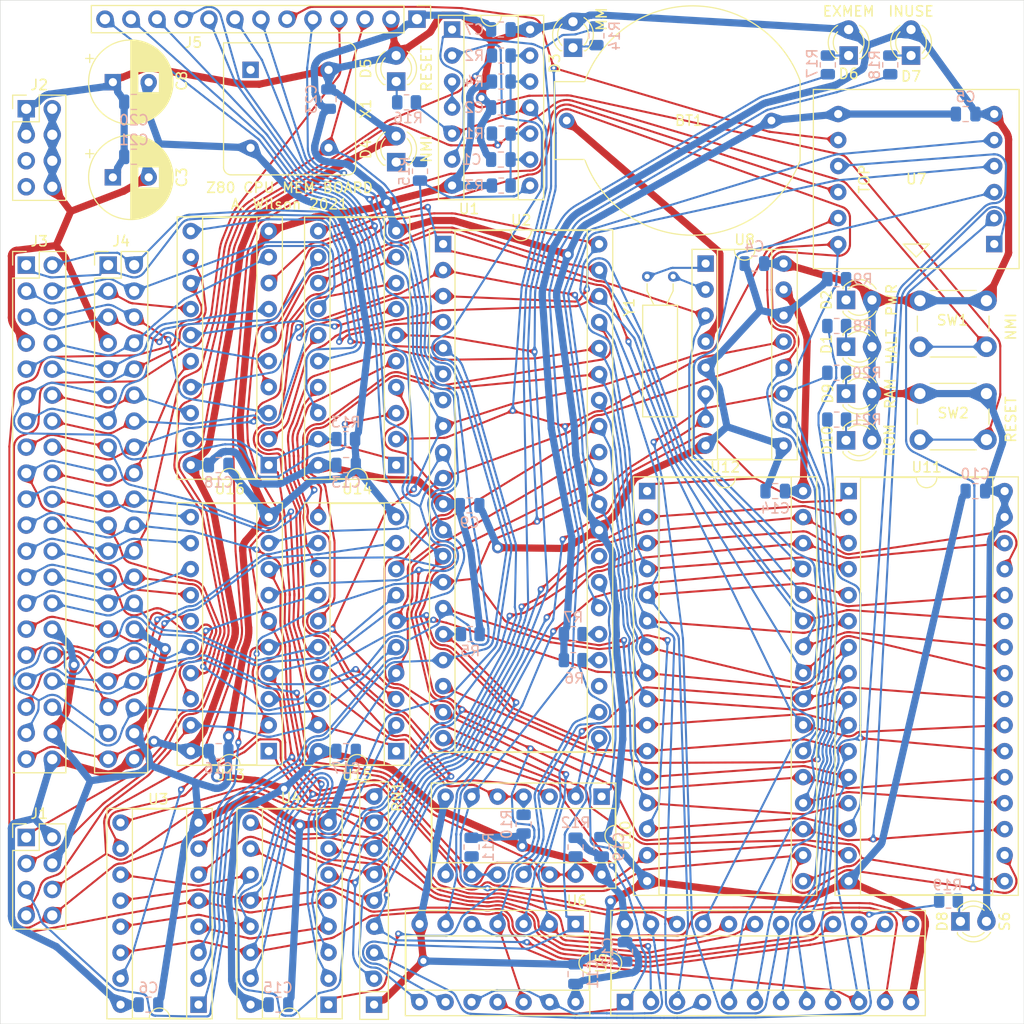
<source format=kicad_pcb>
(kicad_pcb (version 20171130) (host pcbnew "(5.1.9)-1")
  (layers (0 F.Cu signal) (31 B.Cu signal) (34 B.Paste user) (35 F.Paste user) (36 B.SilkS user) (37 F.SilkS user) (38 B.Mask user) (39 F.Mask user) (44 Edge.Cuts user))
  (net 0 "")
  (net 1 +5V)
  (net 2 F_A2)
  (net 3 GND)
  (net 4 F_A6)
  (net 5 F_A5)
  (net 6 F_A7)
  (net 7 ~WAIT~)
  (net 8 F_A3)
  (net 9 F_A4)
  (net 10 F_D2)
  (net 11 CLK)
  (net 12 F_D0)
  (net 13 F_A1)
  (net 14 F_D5)
  (net 15 F_A0)
  (net 16 F_D3)
  (net 17 F_D6)
  (net 18 ~INT~)
  (net 19 F_D1)
  (net 20 ~IN~)
  (net 21 F_D7)
  (net 22 F_A9)
  (net 23 F_D4)
  (net 24 ~READ~)
  (net 25 ~WRITE~)
  (net 26 ~INTAK~)
  (net 27 F_A8)
  (net 28 ~OUT~)
  (net 29 F_A11)
  (net 30 F_A14)
  (net 31 F_A15)
  (net 32 F_A12)
  (net 33 F_A13)
  (net 34 ~EXMEM~)
  (net 35 F_A10)
  (net 36 ~MREQ~)
  (net 37 ~SYSRES~)
  (net 38 S0)
  (net 39 S1)
  (net 40 S2)
  (net 41 S3)
  (net 42 S4)
  (net 43 RAM~ROM~)
  (net 44 D0)
  (net 45 D1)
  (net 46 D2)
  (net 47 D3)
  (net 48 D4)
  (net 49 D5)
  (net 50 D6)
  (net 51 D7)
  (net 52 "Net-(C2-Pad2)")
  (net 53 "Net-(U1-Pad3)")
  (net 54 "Net-(C1-Pad2)")
  (net 55 ~BankSel~)
  (net 56 A10)
  (net 57 ~IORQ~)
  (net 58 A9)
  (net 59 A8)
  (net 60 "Net-(R8-Pad1)")
  (net 61 A7)
  (net 62 A6)
  (net 63 A5)
  (net 64 A4)
  (net 65 A3)
  (net 66 A2)
  (net 67 A1)
  (net 68 A0)
  (net 69 M1)
  (net 70 A15)
  (net 71 A14)
  (net 72 A13)
  (net 73 ~WR~)
  (net 74 A12)
  (net 75 ~RD~)
  (net 76 A11)
  (net 77 ~DISP1~)
  (net 78 ~F_WAIT~)
  (net 79 ~F_INT~)
  (net 80 ~F_IN~)
  (net 81 ~F_READ~)
  (net 82 ~F_INUSE~)
  (net 83 ~F_WRITE~)
  (net 84 ~F_INTAK~)
  (net 85 ~F_OUT~)
  (net 86 ~F_EXMEM~)
  (net 87 ~F_MREQ~)
  (net 88 ~F_SYSRES~)
  (net 89 "Net-(R7-Pad1)")
  (net 90 "Net-(D1-Pad1)")
  (net 91 ~INUSE~)
  (net 92 MEMCHIP)
  (net 93 ~BUSBUF~)
  (net 94 ~ROM0~)
  (net 95 ~RAM0~)
  (net 96 "Net-(D2-Pad1)")
  (net 97 "Net-(J1-Pad7)")
  (net 98 "Net-(J1-Pad5)")
  (net 99 "Net-(J1-Pad3)")
  (net 100 "Net-(J1-Pad1)")
  (net 101 "Net-(BT1-Pad1)")
  (net 102 "Net-(U12-Pad22)")
  (net 103 "Net-(U8-Pad2)")
  (net 104 "Net-(U8-Pad1)")
  (net 105 "Net-(D3-Pad1)")
  (net 106 "Net-(R14-Pad1)")
  (net 107 "Net-(D4-Pad1)")
  (net 108 "Net-(D5-Pad1)")
  (net 109 "Net-(J1-Pad8)")
  (net 110 "Net-(J1-Pad6)")
  (net 111 VCCMEM)
  (net 112 "Net-(D6-Pad1)")
  (net 113 "Net-(D7-Pad1)")
  (net 114 "Net-(D8-Pad1)")
  (net 115 "Net-(R19-Pad1)")
  (net 116 "Net-(D9-Pad1)")
  (net 117 "Net-(D10-Pad1)")
  (module MountingHole:MountingHole_3.2mm_M3_DIN965 (layer F.Cu) (at 23.5 116.5)
    (fp_text reference M4 hide)
    (fp_text value 3mm-mounting-hole hide)
    (pad 1 np_thru_hole circle (at 0 0) (size 3.2 3.2) (drill 3.2) (layers *.Cu *.Mask))
  )
  (module MountingHole:MountingHole_3.2mm_M3_DIN965 (layer F.Cu) (at 23.5 23.5)
    (fp_text reference M3 hide)
    (fp_text value 3mm-mounting-hole hide)
    (pad 1 np_thru_hole circle (at 0 0) (size 3.2 3.2) (drill 3.2) (layers *.Cu *.Mask))
  )
  (module MountingHole:MountingHole_3.2mm_M3_DIN965 (layer F.Cu) (at 116.5 116.5)
    (fp_text reference M2 hide)
    (fp_text value 3mm-mounting-hole hide)
    (pad 1 np_thru_hole circle (at 0 0) (size 3.2 3.2) (drill 3.2) (layers *.Cu *.Mask))
  )
  (module MountingHole:MountingHole_3.2mm_M3_DIN965 (layer F.Cu) (at 116.5 23.5)
    (fp_text reference M1 hide)
    (fp_text value 3mm-mounting-hole hide)
    (pad 1 np_thru_hole circle (at 0 0) (size 3.2 3.2) (drill 3.2) (layers *.Cu *.Mask))
  )
  (module Resistor_SMD:R_0805_2012Metric (layer B.Cu) (at 101.704 60.96)
    (fp_text reference R21 (at 2.9445 0) (layer B.SilkS) (effects (justify mirror)))
    (fp_text value 1K)
    (pad 2 smd roundrect (at 0.9125 0) (size 1.025 1.4) (layers B.Cu B.Paste B.Mask) (roundrect_rratio 0.243902) (net 117 "Net-(D10-Pad1)"))
    (pad 1 smd roundrect (at -0.9125 0) (size 1.025 1.4) (layers B.Cu B.Paste B.Mask) (roundrect_rratio 0.243902) (net 94 ~ROM0~))
  )
  (module Resistor_SMD:R_0805_2012Metric (layer B.Cu) (at 101.704 56.388)
    (fp_text reference R20 (at 2.9445 0) (layer B.SilkS) (effects (justify mirror)))
    (fp_text value 1K)
    (pad 2 smd roundrect (at 0.9125 0) (size 1.025 1.4) (layers B.Cu B.Paste B.Mask) (roundrect_rratio 0.243902) (net 116 "Net-(D9-Pad1)"))
    (pad 1 smd roundrect (at -0.9125 0) (size 1.025 1.4) (layers B.Cu B.Paste B.Mask) (roundrect_rratio 0.243902) (net 95 ~RAM0~))
  )
  (module LED_THT:LED_D3.0mm_FlatTop (layer F.Cu) (at 102.616 62.992)
    (fp_text reference D10 (at -1.836 0 90) (layer F.SilkS))
    (fp_text value ROM (at 4.26 0 90) (layer F.SilkS))
    (pad 2 thru_hole circle (at 2.54 0) (size 1.8 1.8) (drill 0.9) (layers *.Cu *.Mask) (net 1 +5V))
    (pad 1 thru_hole rect (at 0 0) (size 1.8 1.8) (drill 0.9) (layers *.Cu *.Mask) (net 117 "Net-(D10-Pad1)"))
  )
  (module LED_THT:LED_D3.0mm_FlatTop (layer F.Cu) (at 102.616 58.42)
    (fp_text reference D9 (at -1.778 0 90) (layer F.SilkS))
    (fp_text value RAM (at 4.318 0 90) (layer F.SilkS))
    (pad 2 thru_hole circle (at 2.54 0) (size 1.8 1.8) (drill 0.9) (layers *.Cu *.Mask) (net 1 +5V))
    (pad 1 thru_hole rect (at 0 0) (size 1.8 1.8) (drill 0.9) (layers *.Cu *.Mask) (net 116 "Net-(D9-Pad1)"))
  )
  (module Resistor_SMD:R_0805_2012Metric (layer B.Cu) (at 112.626 107.95)
    (fp_text reference R19 (at -0.1035 -1.524) (layer B.SilkS) (effects (justify mirror)))
    (fp_text value 1K)
    (pad 2 smd roundrect (at 0.9125 0) (size 1.025 1.4) (layers B.Cu B.Paste B.Mask) (roundrect_rratio 0.243902) (net 114 "Net-(D8-Pad1)"))
    (pad 1 smd roundrect (at -0.9125 0) (size 1.025 1.4) (layers B.Cu B.Paste B.Mask) (roundrect_rratio 0.243902) (net 115 "Net-(R19-Pad1)"))
  )
  (module LED_THT:LED_D3.0mm_FlatTop (layer F.Cu) (at 113.792 109.982)
    (fp_text reference D8 (at -1.778 0 90) (layer F.SilkS))
    (fp_text value S6 (at 4.318 0 90) (layer F.SilkS))
    (pad 2 thru_hole circle (at 2.54 0) (size 1.8 1.8) (drill 0.9) (layers *.Cu *.Mask) (net 1 +5V))
    (pad 1 thru_hole rect (at 0 0) (size 1.8 1.8) (drill 0.9) (layers *.Cu *.Mask) (net 114 "Net-(D8-Pad1)"))
  )
  (module Resistor_SMD:R_0805_2012Metric (layer B.Cu) (at 106.934 26.3125 90)
    (fp_text reference R18 (at 0 -1.524 90) (layer B.SilkS) (effects (justify mirror)))
    (fp_text value 1K)
    (pad 2 smd roundrect (at 0.9125 0 90) (size 1.025 1.4) (layers B.Cu B.Paste B.Mask) (roundrect_rratio 0.243902) (net 113 "Net-(D7-Pad1)"))
    (pad 1 smd roundrect (at -0.9125 0 90) (size 1.025 1.4) (layers B.Cu B.Paste B.Mask) (roundrect_rratio 0.243902) (net 91 ~INUSE~))
  )
  (module LED_THT:LED_D3.0mm_FlatTop (layer F.Cu) (at 108.966 25.4 90)
    (fp_text reference D7 (at -2.032 0 180) (layer F.SilkS))
    (fp_text value INUSE (at 4.318 0 180) (layer F.SilkS))
    (pad 2 thru_hole circle (at 2.54 0 90) (size 1.8 1.8) (drill 0.9) (layers *.Cu *.Mask) (net 1 +5V))
    (pad 1 thru_hole rect (at 0 0 90) (size 1.8 1.8) (drill 0.9) (layers *.Cu *.Mask) (net 113 "Net-(D7-Pad1)"))
  )
  (module Resistor_SMD:R_0805_2012Metric (layer B.Cu) (at 100.838 26.3125 90)
    (fp_text reference R17 (at 0.1505 -1.524 90) (layer B.SilkS) (effects (justify mirror)))
    (fp_text value 1K)
    (pad 2 smd roundrect (at 0.9125 0 90) (size 1.025 1.4) (layers B.Cu B.Paste B.Mask) (roundrect_rratio 0.243902) (net 112 "Net-(D6-Pad1)"))
    (pad 1 smd roundrect (at -0.9125 0 90) (size 1.025 1.4) (layers B.Cu B.Paste B.Mask) (roundrect_rratio 0.243902) (net 34 ~EXMEM~))
  )
  (module LED_THT:LED_D3.0mm_FlatTop (layer F.Cu) (at 102.87 25.4 90)
    (fp_text reference D6 (at -1.778 0 180) (layer F.SilkS))
    (fp_text value EXMEM (at 4.318 0) (layer F.SilkS))
    (pad 2 thru_hole circle (at 2.54 0 90) (size 1.8 1.8) (drill 0.9) (layers *.Cu *.Mask) (net 1 +5V))
    (pad 1 thru_hole rect (at 0 0 90) (size 1.8 1.8) (drill 0.9) (layers *.Cu *.Mask) (net 112 "Net-(D6-Pad1)"))
  )
  (module Connector_PinHeader_2.54mm:PinHeader_1x13_P2.54mm_Vertical (layer F.Cu) (at 60.706 21.844 270)
    (fp_text reference J5 (at 2.286 21.844 180) (layer F.SilkS))
    (fp_text value Conn_01x13_Female)
    (pad 13 thru_hole oval (at 0 30.48 270) (size 1.7 1.7) (drill 1) (layers *.Cu *.Mask) (net 51 D7))
    (pad 12 thru_hole oval (at 0 27.94 270) (size 1.7 1.7) (drill 1) (layers *.Cu *.Mask) (net 50 D6))
    (pad 11 thru_hole oval (at 0 25.4 270) (size 1.7 1.7) (drill 1) (layers *.Cu *.Mask) (net 49 D5))
    (pad 10 thru_hole oval (at 0 22.86 270) (size 1.7 1.7) (drill 1) (layers *.Cu *.Mask) (net 48 D4))
    (pad 9 thru_hole oval (at 0 20.32 270) (size 1.7 1.7) (drill 1) (layers *.Cu *.Mask) (net 47 D3))
    (pad 8 thru_hole oval (at 0 17.78 270) (size 1.7 1.7) (drill 1) (layers *.Cu *.Mask) (net 46 D2))
    (pad 7 thru_hole oval (at 0 15.24 270) (size 1.7 1.7) (drill 1) (layers *.Cu *.Mask) (net 45 D1))
    (pad 6 thru_hole oval (at 0 12.7 270) (size 1.7 1.7) (drill 1) (layers *.Cu *.Mask) (net 44 D0))
    (pad 5 thru_hole oval (at 0 10.16 270) (size 1.7 1.7) (drill 1) (layers *.Cu *.Mask) (net 110 "Net-(J1-Pad6)"))
    (pad 4 thru_hole oval (at 0 7.62 270) (size 1.7 1.7) (drill 1) (layers *.Cu *.Mask) (net 109 "Net-(J1-Pad8)"))
    (pad 3 thru_hole oval (at 0 5.08 270) (size 1.7 1.7) (drill 1) (layers *.Cu *.Mask) (net 11 CLK))
    (pad 2 thru_hole oval (at 0 2.54 270) (size 1.7 1.7) (drill 1) (layers *.Cu *.Mask) (net 1 +5V))
    (pad 1 thru_hole rect (at 0 0 270) (size 1.7 1.7) (drill 1) (layers *.Cu *.Mask) (net 3 GND))
  )
  (module Resistor_SMD:R_0805_2012Metric (layer B.Cu) (at 59.69 29.972 180)
    (fp_text reference R16 (at -0.1505 -1.524) (layer B.SilkS) (effects (justify mirror)))
    (fp_text value 1K)
    (pad 2 smd roundrect (at 0.9125 0 180) (size 1.025 1.4) (layers B.Cu B.Paste B.Mask) (roundrect_rratio 0.2439004878048781) (net 108 "Net-(D5-Pad1)"))
    (pad 1 smd roundrect (at -0.9125 0 180) (size 1.025 1.4) (layers B.Cu B.Paste B.Mask) (roundrect_rratio 0.2439004878048781) (net 37 ~SYSRES~))
  )
  (module Resistor_SMD:R_0805_2012Metric (layer B.Cu) (at 61 36.7 90)
    (fp_text reference R15 (at 0 -1.524 -90) (layer B.SilkS) (effects (justify mirror)))
    (fp_text value 1K)
    (pad 2 smd roundrect (at 0.9125 0 90) (size 1.025 1.4) (layers B.Cu B.Paste B.Mask) (roundrect_rratio 0.2439004878048781) (net 107 "Net-(D4-Pad1)"))
    (pad 1 smd roundrect (at -0.9125 0 90) (size 1.025 1.4) (layers B.Cu B.Paste B.Mask) (roundrect_rratio 0.2439004878048781) (net 98 "Net-(J1-Pad5)"))
  )
  (module LED_THT:LED_D3.0mm_FlatTop (layer F.Cu) (at 58.674 27.94 90)
    (fp_text reference D5 (at 1.27 -2.96 90) (layer F.SilkS))
    (fp_text value RESET (at 1.27 2.96 90) (layer F.SilkS))
    (pad 2 thru_hole circle (at 2.54 0 90) (size 1.8 1.8) (drill 0.9) (layers *.Cu *.Mask) (net 1 +5V))
    (pad 1 thru_hole rect (at 0 0 90) (size 1.8 1.8) (drill 0.9) (layers *.Cu *.Mask) (net 108 "Net-(D5-Pad1)"))
  )
  (module LED_THT:LED_D3.0mm_FlatTop (layer F.Cu) (at 58.674 35.814 90)
    (fp_text reference D4 (at 1.27 -2.96 90) (layer F.SilkS))
    (fp_text value NMI (at 1.27 2.96 90) (layer F.SilkS))
    (pad 2 thru_hole circle (at 2.54 0 90) (size 1.8 1.8) (drill 0.9) (layers *.Cu *.Mask) (net 1 +5V))
    (pad 1 thru_hole rect (at 0 0 90) (size 1.8 1.8) (drill 0.9) (layers *.Cu *.Mask) (net 107 "Net-(D4-Pad1)"))
  )
  (module Resistor_SMD:R_0805_2012Metric (layer B.Cu) (at 78.232 23.4715 270)
    (fp_text reference R14 (at 0 -1.778 90) (layer B.SilkS) (effects (justify mirror)))
    (fp_text value 1K)
    (pad 2 smd roundrect (at 0.9125 0 270) (size 1.025 1.4) (layers B.Cu B.Paste B.Mask) (roundrect_rratio 0.2439004878048781) (net 105 "Net-(D3-Pad1)"))
    (pad 1 smd roundrect (at -0.9125 0 270) (size 1.025 1.4) (layers B.Cu B.Paste B.Mask) (roundrect_rratio 0.2439004878048781) (net 106 "Net-(R14-Pad1)"))
  )
  (module LED_THT:LED_D3.0mm_FlatTop (layer F.Cu) (at 75.946 24.638 90)
    (fp_text reference D3 (at -1.524 -1.778 90) (layer F.SilkS))
    (fp_text value MM (at 2.794 2.794 90) (layer F.SilkS))
    (pad 2 thru_hole circle (at 2.54 0 90) (size 1.8 1.8) (drill 0.9) (layers *.Cu *.Mask) (net 1 +5V))
    (pad 1 thru_hole rect (at 0 0 90) (size 1.8 1.8) (drill 0.9) (layers *.Cu *.Mask) (net 105 "Net-(D3-Pad1)"))
  )
  (module Capacitor_THT:CP_Radial_D8.0mm_P3.50mm (layer F.Cu) (at 31 37.3)
    (fp_text reference C3 (at 6.732 0 90) (layer F.SilkS))
    (fp_text value 470uF)
    (pad 2 thru_hole circle (at 3.5 0) (size 1.6 1.6) (drill 0.8) (layers *.Cu *.Mask) (net 3 GND))
    (pad 1 thru_hole rect (at 0 0) (size 1.6 1.6) (drill 0.8) (layers *.Cu *.Mask) (net 1 +5V))
  )
  (module Button_Switch_THT:SW_PUSH_6mm (layer F.Cu) (at 109.832 58.42)
    (fp_text reference SW2 (at 3.25 1.905) (layer F.SilkS))
    (fp_text value RESET (at 8.89 2.54 270) (layer F.SilkS))
    (pad 1 thru_hole circle (at 6.5 0 90) (size 2 2) (drill 1.1) (layers *.Cu *.Mask) (net 1 +5V))
    (pad 2 thru_hole circle (at 6.5 4.5 90) (size 2 2) (drill 1.1) (layers *.Cu *.Mask) (net 100 "Net-(J1-Pad1)"))
    (pad 1 thru_hole circle (at 0 0 90) (size 2 2) (drill 1.1) (layers *.Cu *.Mask) (net 1 +5V))
    (pad 2 thru_hole circle (at 0 4.5 90) (size 2 2) (drill 1.1) (layers *.Cu *.Mask) (net 100 "Net-(J1-Pad1)"))
  )
  (module Button_Switch_THT:SW_PUSH_6mm (layer F.Cu) (at 109.832 49.348)
    (fp_text reference SW1 (at 3.175 1.905) (layer F.SilkS))
    (fp_text value NMI (at 8.89 2.54 90) (layer F.SilkS))
    (pad 1 thru_hole circle (at 6.5 0 90) (size 2 2) (drill 1.1) (layers *.Cu *.Mask) (net 1 +5V))
    (pad 2 thru_hole circle (at 6.5 4.5 90) (size 2 2) (drill 1.1) (layers *.Cu *.Mask) (net 99 "Net-(J1-Pad3)"))
    (pad 1 thru_hole circle (at 0 0 90) (size 2 2) (drill 1.1) (layers *.Cu *.Mask) (net 1 +5V))
    (pad 2 thru_hole circle (at 0 4.5 90) (size 2 2) (drill 1.1) (layers *.Cu *.Mask) (net 99 "Net-(J1-Pad3)"))
  )
  (module Package_DIP:DIP-16_W7.62mm_Socket (layer F.Cu) (at 88.9 45.72)
    (fp_text reference U8 (at 3.81 -2.33) (layer F.SilkS))
    (fp_text value DS1315)
    (pad 1 thru_hole rect (at 0 0) (size 1.6 1.6) (drill 0.8) (layers *.Cu *.Mask) (net 104 "Net-(U8-Pad1)"))
    (pad 9 thru_hole oval (at 7.62 17.78) (size 1.6 1.6) (drill 0.8) (layers *.Cu *.Mask) (net 3 GND))
    (pad 2 thru_hole oval (at 0 2.54) (size 1.6 1.6) (drill 0.8) (layers *.Cu *.Mask) (net 103 "Net-(U8-Pad2)"))
    (pad 10 thru_hole oval (at 7.62 15.24) (size 1.6 1.6) (drill 0.8) (layers *.Cu *.Mask) (net 102 "Net-(U12-Pad22)"))
    (pad 3 thru_hole oval (at 0 5.08) (size 1.6 1.6) (drill 0.8) (layers *.Cu *.Mask) (net 25 ~WRITE~))
    (pad 11 thru_hole oval (at 7.62 12.7) (size 1.6 1.6) (drill 0.8) (layers *.Cu *.Mask) (net 95 ~RAM0~))
    (pad 4 thru_hole oval (at 0 7.62) (size 1.6 1.6) (drill 0.8) (layers *.Cu *.Mask) (net 101 "Net-(BT1-Pad1)"))
    (pad 12 thru_hole oval (at 7.62 10.16) (size 1.6 1.6) (drill 0.8) (layers *.Cu *.Mask) (net 24 ~READ~))
    (pad 5 thru_hole oval (at 0 10.16) (size 1.6 1.6) (drill 0.8) (layers *.Cu *.Mask) (net 3 GND))
    (pad 13 thru_hole oval (at 7.62 7.62) (size 1.6 1.6) (drill 0.8) (layers *.Cu *.Mask) (net 37 ~SYSRES~))
    (pad 6 thru_hole oval (at 0 12.7) (size 1.6 1.6) (drill 0.8) (layers *.Cu *.Mask) (net 44 D0))
    (pad 14 thru_hole oval (at 7.62 5.08) (size 1.6 1.6) (drill 0.8) (layers *.Cu *.Mask) (net 3 GND))
    (pad 7 thru_hole oval (at 0 15.24) (size 1.6 1.6) (drill 0.8) (layers *.Cu *.Mask) (net 44 D0))
    (pad 15 thru_hole oval (at 7.62 2.54) (size 1.6 1.6) (drill 0.8) (layers *.Cu *.Mask) (net 111 VCCMEM))
    (pad 8 thru_hole oval (at 0 17.78) (size 1.6 1.6) (drill 0.8) (layers *.Cu *.Mask) (net 3 GND))
    (pad 16 thru_hole oval (at 7.62 0) (size 1.6 1.6) (drill 0.8) (layers *.Cu *.Mask) (net 1 +5V))
  )
  (module Crystal:Crystal_AT310_D3.0mm_L10.0mm_Horizontal (layer F.Cu) (at 83.185 46.99)
    (fp_text reference Y1 (at -1.75 3 -270) (layer F.SilkS))
    (fp_text value 32768Hz)
    (pad 2 thru_hole circle (at 2.54 0) (size 1 1) (drill 0.5) (layers *.Cu *.Mask) (net 103 "Net-(U8-Pad2)"))
    (pad 1 thru_hole circle (at 0 0) (size 1 1) (drill 0.5) (layers *.Cu *.Mask) (net 104 "Net-(U8-Pad1)"))
  )
  (module wilson-z80:BS-01-A4CJ004 (layer F.Cu) (at 87.63 31.75 180)
    (fp_text reference BT1 (at 0.361999 0) (layer F.SilkS))
    (fp_text value 3V)
    (pad 1 thru_hole circle (at 12.3 0 180) (size 1.524 1.524) (drill 0.762) (layers *.Cu *.Mask) (net 101 "Net-(BT1-Pad1)"))
    (pad 2 thru_hole circle (at -7.7 0 180) (size 1.524 1.524) (drill 0.762) (layers *.Cu *.Mask) (net 3 GND))
  )
  (module Capacitor_SMD:C_0805_2012Metric (layer B.Cu) (at 52.07 29.652 270)
    (fp_text reference C23 (at 0 1.68 90) (layer B.SilkS) (effects (justify mirror)))
    (fp_text value 100n)
    (pad 1 smd roundrect (at -0.95 0 270) (size 1 1.45) (layers B.Cu B.Paste B.Mask) (net 1 +5V))
    (pad 2 smd roundrect (at 0.95 0 270) (size 1 1.45) (layers B.Cu B.Paste B.Mask) (net 3 GND))
  )
  (module Capacitor_SMD:C_0805_2012Metric (layer B.Cu) (at 33.0539 35.2872)
    (fp_text reference C21 (at 0 -1.651) (layer B.SilkS) (effects (justify mirror)))
    (fp_text value 100n)
    (pad 2 smd roundrect (at 0.95 0) (size 1 1.45) (layers B.Cu B.Paste B.Mask) (net 3 GND))
    (pad 1 smd roundrect (at -0.95 0) (size 1 1.45) (layers B.Cu B.Paste B.Mask) (net 1 +5V))
  )
  (module Capacitor_SMD:C_0805_2012Metric (layer B.Cu) (at 33.0539 29.933)
    (fp_text reference C20 (at 0 1.778) (layer B.SilkS) (effects (justify mirror)))
    (fp_text value 100n)
    (pad 2 smd roundrect (at 0.95 0) (size 1 1.45) (layers B.Cu B.Paste B.Mask) (net 3 GND))
    (pad 1 smd roundrect (at -0.95 0) (size 1 1.45) (layers B.Cu B.Paste B.Mask) (net 1 +5V))
  )
  (module Capacitor_SMD:C_0805_2012Metric (layer B.Cu) (at 78.74 102.682 90)
    (fp_text reference C19 (at 0 1.68 90) (layer B.SilkS) (effects (justify mirror)))
    (fp_text value 100n)
    (pad 2 smd roundrect (at 0.95 0 90) (size 1 1.45) (layers B.Cu B.Paste B.Mask) (net 3 GND))
    (pad 1 smd roundrect (at -0.95 0 90) (size 1 1.45) (layers B.Cu B.Paste B.Mask) (net 1 +5V))
  )
  (module Capacitor_SMD:C_0805_2012Metric (layer B.Cu) (at 41.336 65.405)
    (fp_text reference C18 (at 0 1.68) (layer B.SilkS) (effects (justify mirror)))
    (fp_text value 100n)
    (pad 2 smd roundrect (at 0.95 0) (size 1 1.45) (layers B.Cu B.Paste B.Mask) (net 3 GND))
    (pad 1 smd roundrect (at -0.95 0) (size 1 1.45) (layers B.Cu B.Paste B.Mask) (net 1 +5V))
  )
  (module Capacitor_SMD:C_0805_2012Metric (layer B.Cu) (at 53.782 93.345)
    (fp_text reference C17 (at 0 1.68) (layer B.SilkS) (effects (justify mirror)))
    (fp_text value 100n)
    (pad 2 smd roundrect (at 0.95 0) (size 1 1.45) (layers B.Cu B.Paste B.Mask) (net 3 GND))
    (pad 1 smd roundrect (at -0.95 0) (size 1 1.45) (layers B.Cu B.Paste B.Mask) (net 1 +5V))
  )
  (module Capacitor_SMD:C_0805_2012Metric (layer B.Cu) (at 41.336 93.345)
    (fp_text reference C16 (at 0 1.68) (layer B.SilkS) (effects (justify mirror)))
    (fp_text value 100n)
    (pad 2 smd roundrect (at 0.95 0) (size 1 1.45) (layers B.Cu B.Paste B.Mask) (net 3 GND))
    (pad 1 smd roundrect (at -0.95 0) (size 1 1.45) (layers B.Cu B.Paste B.Mask) (net 1 +5V))
  )
  (module Capacitor_SMD:C_0805_2012Metric (layer B.Cu) (at 47.178 118.11)
    (fp_text reference C15 (at -0.061 -1.651) (layer B.SilkS) (effects (justify mirror)))
    (fp_text value 100n)
    (pad 2 smd roundrect (at 0.95 0) (size 1 1.45) (layers B.Cu B.Paste B.Mask) (net 3 GND))
    (pad 1 smd roundrect (at -0.95 0) (size 1 1.45) (layers B.Cu B.Paste B.Mask) (net 1 +5V))
  )
  (module Capacitor_SMD:C_0805_2012Metric (layer B.Cu) (at 95.697 67.945)
    (fp_text reference C14 (at 0 1.68) (layer B.SilkS) (effects (justify mirror)))
    (fp_text value 100n)
    (pad 1 smd roundrect (at -0.95 0) (size 1 1.45) (layers B.Cu B.Paste B.Mask) (net 3 GND))
    (pad 2 smd roundrect (at 0.95 0) (size 1 1.45) (layers B.Cu B.Paste B.Mask) (net 111 VCCMEM))
  )
  (module Capacitor_SMD:C_0805_2012Metric (layer B.Cu) (at 53.782 65.405)
    (fp_text reference C13 (at 0 1.68) (layer B.SilkS) (effects (justify mirror)))
    (fp_text value 100n)
    (pad 2 smd roundrect (at 0.95 0) (size 1 1.45) (layers B.Cu B.Paste B.Mask) (net 3 GND))
    (pad 1 smd roundrect (at -0.95 0) (size 1 1.45) (layers B.Cu B.Paste B.Mask) (net 1 +5V))
  )
  (module Capacitor_SMD:C_0805_2012Metric (layer B.Cu) (at 81.026 112.964 270)
    (fp_text reference C12 (at 0 1.68 90) (layer B.SilkS) (effects (justify mirror)))
    (fp_text value 100n)
    (pad 1 smd roundrect (at -0.95 0 270) (size 1 1.45) (layers B.Cu B.Paste B.Mask) (net 1 +5V))
    (pad 2 smd roundrect (at 0.95 0 270) (size 1 1.45) (layers B.Cu B.Paste B.Mask) (net 3 GND))
  )
  (module Capacitor_SMD:C_0805_2012Metric (layer B.Cu) (at 76.2 115.128 90)
    (fp_text reference C11 (at 0 1.68 90) (layer B.SilkS) (effects (justify mirror)))
    (fp_text value 100n)
    (pad 2 smd roundrect (at 0.95 0 90) (size 1 1.45) (layers B.Cu B.Paste B.Mask) (net 3 GND))
    (pad 1 smd roundrect (at -0.95 0 90) (size 1 1.45) (layers B.Cu B.Paste B.Mask) (net 1 +5V))
  )
  (module Capacitor_SMD:C_0805_2012Metric (layer B.Cu) (at 115.25 67.945 180)
    (fp_text reference C10 (at 0 1.68) (layer B.SilkS) (effects (justify mirror)))
    (fp_text value 100n)
    (pad 2 smd roundrect (at 0.95 0 180) (size 1 1.45) (layers B.Cu B.Paste B.Mask) (net 3 GND))
    (pad 1 smd roundrect (at -0.95 0 180) (size 1 1.45) (layers B.Cu B.Paste B.Mask) (net 1 +5V))
  )
  (module Capacitor_SMD:C_0805_2012Metric (layer B.Cu) (at 65.847 69.342)
    (fp_text reference C9 (at 0 1.68) (layer B.SilkS) (effects (justify mirror)))
    (fp_text value 100n)
    (pad 2 smd roundrect (at 0.95 0) (size 1 1.45) (layers B.Cu B.Paste B.Mask) (net 3 GND))
    (pad 1 smd roundrect (at -0.95 0) (size 1 1.45) (layers B.Cu B.Paste B.Mask) (net 1 +5V))
  )
  (module Capacitor_THT:CP_Radial_D8.0mm_P3.50mm (layer F.Cu) (at 31 28)
    (fp_text reference C8 (at 6.732 -0.127 90) (layer F.SilkS))
    (fp_text value 470uF)
    (pad 2 thru_hole circle (at 3.5 0) (size 1.6 1.6) (drill 0.8) (layers *.Cu *.Mask) (net 3 GND))
    (pad 1 thru_hole rect (at 0 0) (size 1.6 1.6) (drill 0.8) (layers *.Cu *.Mask) (net 1 +5V))
  )
  (module Package_DIP:DIP-14_W7.62mm_Socket (layer F.Cu) (at 78.74 97.79 270)
    (fp_text reference U10 (at 3.81 -2.33 90) (layer F.SilkS))
    (fp_text value 74LS32)
    (pad 14 thru_hole oval (at 7.62 0 270) (size 1.6 1.6) (drill 0.8) (layers *.Cu *.Mask) (net 1 +5V))
    (pad 7 thru_hole oval (at 0 15.24 270) (size 1.6 1.6) (drill 0.8) (layers *.Cu *.Mask) (net 3 GND))
    (pad 13 thru_hole oval (at 7.62 2.54 270) (size 1.6 1.6) (drill 0.8) (layers *.Cu *.Mask) (net 78 ~F_WAIT~))
    (pad 6 thru_hole oval (at 0 12.7 270) (size 1.6 1.6) (drill 0.8) (layers *.Cu *.Mask) (net 91 ~INUSE~))
    (pad 12 thru_hole oval (at 7.62 5.08 270) (size 1.6 1.6) (drill 0.8) (layers *.Cu *.Mask) (net 78 ~F_WAIT~))
    (pad 5 thru_hole oval (at 0 10.16 270) (size 1.6 1.6) (drill 0.8) (layers *.Cu *.Mask) (net 82 ~F_INUSE~))
    (pad 11 thru_hole oval (at 7.62 7.62 270) (size 1.6 1.6) (drill 0.8) (layers *.Cu *.Mask) (net 7 ~WAIT~))
    (pad 4 thru_hole oval (at 0 7.62 270) (size 1.6 1.6) (drill 0.8) (layers *.Cu *.Mask) (net 82 ~F_INUSE~))
    (pad 10 thru_hole oval (at 7.62 10.16 270) (size 1.6 1.6) (drill 0.8) (layers *.Cu *.Mask) (net 79 ~F_INT~))
    (pad 3 thru_hole oval (at 0 5.08 270) (size 1.6 1.6) (drill 0.8) (layers *.Cu *.Mask) (net 26 ~INTAK~))
    (pad 9 thru_hole oval (at 7.62 12.7 270) (size 1.6 1.6) (drill 0.8) (layers *.Cu *.Mask) (net 79 ~F_INT~))
    (pad 2 thru_hole oval (at 0 2.54 270) (size 1.6 1.6) (drill 0.8) (layers *.Cu *.Mask) (net 57 ~IORQ~))
    (pad 8 thru_hole oval (at 7.62 15.24 270) (size 1.6 1.6) (drill 0.8) (layers *.Cu *.Mask) (net 18 ~INT~))
    (pad 1 thru_hole rect (at 0 0 270) (size 1.6 1.6) (drill 0.8) (layers *.Cu *.Mask) (net 69 M1))
  )
  (module Package_DIP:DIP-14_W7.62mm_Socket (layer F.Cu) (at 76.2 110.236 270)
    (fp_text reference U6 (at -2.286 -0.127 180) (layer F.SilkS))
    (fp_text value 74LS32)
    (pad 14 thru_hole oval (at 7.62 0 270) (size 1.6 1.6) (drill 0.8) (layers *.Cu *.Mask) (net 1 +5V))
    (pad 7 thru_hole oval (at 0 15.24 270) (size 1.6 1.6) (drill 0.8) (layers *.Cu *.Mask) (net 3 GND))
    (pad 13 thru_hole oval (at 7.62 2.54 270) (size 1.6 1.6) (drill 0.8) (layers *.Cu *.Mask) (net 57 ~IORQ~))
    (pad 6 thru_hole oval (at 0 12.7 270) (size 1.6 1.6) (drill 0.8) (layers *.Cu *.Mask) (net 25 ~WRITE~))
    (pad 12 thru_hole oval (at 7.62 5.08 270) (size 1.6 1.6) (drill 0.8) (layers *.Cu *.Mask) (net 73 ~WR~))
    (pad 5 thru_hole oval (at 0 10.16 270) (size 1.6 1.6) (drill 0.8) (layers *.Cu *.Mask) (net 36 ~MREQ~))
    (pad 11 thru_hole oval (at 7.62 7.62 270) (size 1.6 1.6) (drill 0.8) (layers *.Cu *.Mask) (net 28 ~OUT~))
    (pad 4 thru_hole oval (at 0 7.62 270) (size 1.6 1.6) (drill 0.8) (layers *.Cu *.Mask) (net 73 ~WR~))
    (pad 10 thru_hole oval (at 7.62 10.16 270) (size 1.6 1.6) (drill 0.8) (layers *.Cu *.Mask) (net 57 ~IORQ~))
    (pad 3 thru_hole oval (at 0 5.08 270) (size 1.6 1.6) (drill 0.8) (layers *.Cu *.Mask) (net 24 ~READ~))
    (pad 9 thru_hole oval (at 7.62 12.7 270) (size 1.6 1.6) (drill 0.8) (layers *.Cu *.Mask) (net 75 ~RD~))
    (pad 2 thru_hole oval (at 0 2.54 270) (size 1.6 1.6) (drill 0.8) (layers *.Cu *.Mask) (net 36 ~MREQ~))
    (pad 8 thru_hole oval (at 7.62 15.24 270) (size 1.6 1.6) (drill 0.8) (layers *.Cu *.Mask) (net 20 ~IN~))
    (pad 1 thru_hole rect (at 0 0 270) (size 1.6 1.6) (drill 0.8) (layers *.Cu *.Mask) (net 75 ~RD~))
  )
  (module Package_DIP:DIP-14_W7.62mm_Socket (layer F.Cu) (at 64.135 22.86)
    (fp_text reference U1 (at 1.651 17.526 180) (layer F.SilkS))
    (fp_text value 74LS132)
    (pad 14 thru_hole oval (at 7.62 0) (size 1.6 1.6) (drill 0.8) (layers *.Cu *.Mask) (net 1 +5V))
    (pad 7 thru_hole oval (at 0 15.24) (size 1.6 1.6) (drill 0.8) (layers *.Cu *.Mask) (net 3 GND))
    (pad 13 thru_hole oval (at 7.62 2.54) (size 1.6 1.6) (drill 0.8) (layers *.Cu *.Mask) (net 52 "Net-(C2-Pad2)"))
    (pad 6 thru_hole oval (at 0 12.7) (size 1.6 1.6) (drill 0.8) (layers *.Cu *.Mask) (net 106 "Net-(R14-Pad1)"))
    (pad 12 thru_hole oval (at 7.62 5.08) (size 1.6 1.6) (drill 0.8) (layers *.Cu *.Mask) (net 52 "Net-(C2-Pad2)"))
    (pad 5 thru_hole oval (at 0 10.16) (size 1.6 1.6) (drill 0.8) (layers *.Cu *.Mask) (net 37 ~SYSRES~))
    (pad 11 thru_hole oval (at 7.62 7.62) (size 1.6 1.6) (drill 0.8) (layers *.Cu *.Mask) (net 37 ~SYSRES~))
    (pad 4 thru_hole oval (at 0 7.62) (size 1.6 1.6) (drill 0.8) (layers *.Cu *.Mask) (net 53 "Net-(U1-Pad3)"))
    (pad 10 thru_hole oval (at 7.62 10.16) (size 1.6 1.6) (drill 0.8) (layers *.Cu *.Mask) (net 54 "Net-(C1-Pad2)"))
    (pad 3 thru_hole oval (at 0 5.08) (size 1.6 1.6) (drill 0.8) (layers *.Cu *.Mask) (net 53 "Net-(U1-Pad3)"))
    (pad 9 thru_hole oval (at 7.62 12.7) (size 1.6 1.6) (drill 0.8) (layers *.Cu *.Mask) (net 54 "Net-(C1-Pad2)"))
    (pad 2 thru_hole oval (at 0 2.54) (size 1.6 1.6) (drill 0.8) (layers *.Cu *.Mask) (net 55 ~BankSel~))
    (pad 8 thru_hole oval (at 7.62 15.24) (size 1.6 1.6) (drill 0.8) (layers *.Cu *.Mask) (net 98 "Net-(J1-Pad5)"))
    (pad 1 thru_hole rect (at 0 0) (size 1.6 1.6) (drill 0.8) (layers *.Cu *.Mask) (net 106 "Net-(R14-Pad1)"))
  )
  (module Package_DIP:DIP-24_W7.62mm_Socket (layer F.Cu) (at 81.026 117.856 90)
    (fp_text reference U5 (at 3.81 -2.33 90) (layer F.SilkS))
    (fp_text value ATF22V10C)
    (pad 24 thru_hole oval (at 7.62 0 90) (size 1.6 1.6) (drill 0.8) (layers *.Cu *.Mask) (net 1 +5V))
    (pad 12 thru_hole oval (at 0 27.94 90) (size 1.6 1.6) (drill 0.8) (layers *.Cu *.Mask) (net 3 GND))
    (pad 23 thru_hole oval (at 7.62 2.54 90) (size 1.6 1.6) (drill 0.8) (layers *.Cu *.Mask) (net 57 ~IORQ~))
    (pad 11 thru_hole oval (at 0 25.4 90) (size 1.6 1.6) (drill 0.8) (layers *.Cu *.Mask) (net 75 ~RD~))
    (pad 22 thru_hole oval (at 7.62 5.08 90) (size 1.6 1.6) (drill 0.8) (layers *.Cu *.Mask) (net 93 ~BUSBUF~))
    (pad 10 thru_hole oval (at 0 22.86 90) (size 1.6 1.6) (drill 0.8) (layers *.Cu *.Mask) (net 68 A0))
    (pad 21 thru_hole oval (at 7.62 7.62 90) (size 1.6 1.6) (drill 0.8) (layers *.Cu *.Mask) (net 77 ~DISP1~))
    (pad 9 thru_hole oval (at 0 20.32 90) (size 1.6 1.6) (drill 0.8) (layers *.Cu *.Mask) (net 67 A1))
    (pad 20 thru_hole oval (at 7.62 10.16 90) (size 1.6 1.6) (drill 0.8) (layers *.Cu *.Mask) (net 110 "Net-(J1-Pad6)"))
    (pad 8 thru_hole oval (at 0 17.78 90) (size 1.6 1.6) (drill 0.8) (layers *.Cu *.Mask) (net 66 A2))
    (pad 19 thru_hole oval (at 7.62 12.7 90) (size 1.6 1.6) (drill 0.8) (layers *.Cu *.Mask) (net 109 "Net-(J1-Pad8)"))
    (pad 7 thru_hole oval (at 0 15.24 90) (size 1.6 1.6) (drill 0.8) (layers *.Cu *.Mask) (net 65 A3))
    (pad 18 thru_hole oval (at 7.62 15.24 90) (size 1.6 1.6) (drill 0.8) (layers *.Cu *.Mask) (net 95 ~RAM0~))
    (pad 6 thru_hole oval (at 0 12.7 90) (size 1.6 1.6) (drill 0.8) (layers *.Cu *.Mask) (net 64 A4))
    (pad 17 thru_hole oval (at 7.62 17.78 90) (size 1.6 1.6) (drill 0.8) (layers *.Cu *.Mask) (net 94 ~ROM0~))
    (pad 5 thru_hole oval (at 0 10.16 90) (size 1.6 1.6) (drill 0.8) (layers *.Cu *.Mask) (net 63 A5))
    (pad 16 thru_hole oval (at 7.62 20.32 90) (size 1.6 1.6) (drill 0.8) (layers *.Cu *.Mask) (net 55 ~BankSel~))
    (pad 4 thru_hole oval (at 0 7.62 90) (size 1.6 1.6) (drill 0.8) (layers *.Cu *.Mask) (net 62 A6))
    (pad 15 thru_hole oval (at 7.62 22.86 90) (size 1.6 1.6) (drill 0.8) (layers *.Cu *.Mask) (net 43 RAM~ROM~))
    (pad 3 thru_hole oval (at 0 5.08 90) (size 1.6 1.6) (drill 0.8) (layers *.Cu *.Mask) (net 61 A7))
    (pad 14 thru_hole oval (at 7.62 25.4 90) (size 1.6 1.6) (drill 0.8) (layers *.Cu *.Mask) (net 92 MEMCHIP))
    (pad 2 thru_hole oval (at 0 2.54 90) (size 1.6 1.6) (drill 0.8) (layers *.Cu *.Mask) (net 36 ~MREQ~))
    (pad 13 thru_hole oval (at 7.62 27.94 90) (size 1.6 1.6) (drill 0.8) (layers *.Cu *.Mask) (net 91 ~INUSE~))
    (pad 1 thru_hole rect (at 0 0 90) (size 1.6 1.6) (drill 0.8) (layers *.Cu *.Mask) (net 28 ~OUT~))
  )
  (module Package_DIP:DIP-16_W7.62mm_Socket (layer F.Cu) (at 52.07 118.11 180)
    (fp_text reference U4 (at 3.683 20.193) (layer F.SilkS))
    (fp_text value 74HC670)
    (pad 16 thru_hole oval (at 7.62 0 180) (size 1.6 1.6) (drill 0.8) (layers *.Cu *.Mask) (net 1 +5V))
    (pad 8 thru_hole oval (at 0 17.78 180) (size 1.6 1.6) (drill 0.8) (layers *.Cu *.Mask) (net 3 GND))
    (pad 15 thru_hole oval (at 7.62 2.54 180) (size 1.6 1.6) (drill 0.8) (layers *.Cu *.Mask) (net 48 D4))
    (pad 7 thru_hole oval (at 0 15.24 180) (size 1.6 1.6) (drill 0.8) (layers *.Cu *.Mask) (net 115 "Net-(R19-Pad1)"))
    (pad 14 thru_hole oval (at 7.62 5.08 180) (size 1.6 1.6) (drill 0.8) (layers *.Cu *.Mask) (net 68 A0))
    (pad 6 thru_hole oval (at 0 12.7 180) (size 1.6 1.6) (drill 0.8) (layers *.Cu *.Mask) (net 34 ~EXMEM~))
    (pad 13 thru_hole oval (at 7.62 7.62 180) (size 1.6 1.6) (drill 0.8) (layers *.Cu *.Mask) (net 67 A1))
    (pad 5 thru_hole oval (at 0 10.16 180) (size 1.6 1.6) (drill 0.8) (layers *.Cu *.Mask) (net 71 A14))
    (pad 12 thru_hole oval (at 7.62 10.16 180) (size 1.6 1.6) (drill 0.8) (layers *.Cu *.Mask) (net 55 ~BankSel~))
    (pad 4 thru_hole oval (at 0 7.62 180) (size 1.6 1.6) (drill 0.8) (layers *.Cu *.Mask) (net 70 A15))
    (pad 11 thru_hole oval (at 7.62 12.7 180) (size 1.6 1.6) (drill 0.8) (layers *.Cu *.Mask) (net 106 "Net-(R14-Pad1)"))
    (pad 3 thru_hole oval (at 0 5.08 180) (size 1.6 1.6) (drill 0.8) (layers *.Cu *.Mask) (net 51 D7))
    (pad 10 thru_hole oval (at 7.62 15.24 180) (size 1.6 1.6) (drill 0.8) (layers *.Cu *.Mask) (net 42 S4))
    (pad 2 thru_hole oval (at 0 2.54 180) (size 1.6 1.6) (drill 0.8) (layers *.Cu *.Mask) (net 50 D6))
    (pad 9 thru_hole oval (at 7.62 17.78 180) (size 1.6 1.6) (drill 0.8) (layers *.Cu *.Mask) (net 92 MEMCHIP))
    (pad 1 thru_hole rect (at 0 0 180) (size 1.6 1.6) (drill 0.8) (layers *.Cu *.Mask) (net 49 D5))
  )
  (module Package_DIP:DIP-16_W7.62mm_Socket (layer F.Cu) (at 39.37 118.11 180)
    (fp_text reference U3 (at 3.937 20.066) (layer F.SilkS))
    (fp_text value 74HC670)
    (pad 16 thru_hole oval (at 7.62 0 180) (size 1.6 1.6) (drill 0.8) (layers *.Cu *.Mask) (net 1 +5V))
    (pad 8 thru_hole oval (at 0 17.78 180) (size 1.6 1.6) (drill 0.8) (layers *.Cu *.Mask) (net 3 GND))
    (pad 15 thru_hole oval (at 7.62 2.54 180) (size 1.6 1.6) (drill 0.8) (layers *.Cu *.Mask) (net 44 D0))
    (pad 7 thru_hole oval (at 0 15.24 180) (size 1.6 1.6) (drill 0.8) (layers *.Cu *.Mask) (net 40 S2))
    (pad 14 thru_hole oval (at 7.62 5.08 180) (size 1.6 1.6) (drill 0.8) (layers *.Cu *.Mask) (net 68 A0))
    (pad 6 thru_hole oval (at 0 12.7 180) (size 1.6 1.6) (drill 0.8) (layers *.Cu *.Mask) (net 41 S3))
    (pad 13 thru_hole oval (at 7.62 7.62 180) (size 1.6 1.6) (drill 0.8) (layers *.Cu *.Mask) (net 67 A1))
    (pad 5 thru_hole oval (at 0 10.16 180) (size 1.6 1.6) (drill 0.8) (layers *.Cu *.Mask) (net 71 A14))
    (pad 12 thru_hole oval (at 7.62 10.16 180) (size 1.6 1.6) (drill 0.8) (layers *.Cu *.Mask) (net 55 ~BankSel~))
    (pad 4 thru_hole oval (at 0 7.62 180) (size 1.6 1.6) (drill 0.8) (layers *.Cu *.Mask) (net 70 A15))
    (pad 11 thru_hole oval (at 7.62 12.7 180) (size 1.6 1.6) (drill 0.8) (layers *.Cu *.Mask) (net 106 "Net-(R14-Pad1)"))
    (pad 3 thru_hole oval (at 0 5.08 180) (size 1.6 1.6) (drill 0.8) (layers *.Cu *.Mask) (net 47 D3))
    (pad 10 thru_hole oval (at 7.62 15.24 180) (size 1.6 1.6) (drill 0.8) (layers *.Cu *.Mask) (net 38 S0))
    (pad 2 thru_hole oval (at 0 2.54 180) (size 1.6 1.6) (drill 0.8) (layers *.Cu *.Mask) (net 46 D2))
    (pad 9 thru_hole oval (at 7.62 17.78 180) (size 1.6 1.6) (drill 0.8) (layers *.Cu *.Mask) (net 39 S1))
    (pad 1 thru_hole rect (at 0 0 180) (size 1.6 1.6) (drill 0.8) (layers *.Cu *.Mask) (net 45 D1))
  )
  (module Package_DIP:DIP-40_W15.24mm_Socket (layer F.Cu) (at 63.259 43.815)
    (fp_text reference U2 (at 7.62 -2.33) (layer F.SilkS))
    (fp_text value Z80CPU)
    (pad 40 thru_hole oval (at 15.24 0) (size 1.6 1.6) (drill 0.8) (layers *.Cu *.Mask) (net 56 A10))
    (pad 20 thru_hole oval (at 0 48.26) (size 1.6 1.6) (drill 0.8) (layers *.Cu *.Mask) (net 57 ~IORQ~))
    (pad 39 thru_hole oval (at 15.24 2.54) (size 1.6 1.6) (drill 0.8) (layers *.Cu *.Mask) (net 58 A9))
    (pad 19 thru_hole oval (at 0 45.72) (size 1.6 1.6) (drill 0.8) (layers *.Cu *.Mask) (net 36 ~MREQ~))
    (pad 38 thru_hole oval (at 15.24 5.08) (size 1.6 1.6) (drill 0.8) (layers *.Cu *.Mask) (net 59 A8))
    (pad 18 thru_hole oval (at 0 43.18) (size 1.6 1.6) (drill 0.8) (layers *.Cu *.Mask) (net 60 "Net-(R8-Pad1)"))
    (pad 37 thru_hole oval (at 15.24 7.62) (size 1.6 1.6) (drill 0.8) (layers *.Cu *.Mask) (net 61 A7))
    (pad 17 thru_hole oval (at 0 40.64) (size 1.6 1.6) (drill 0.8) (layers *.Cu *.Mask) (net 98 "Net-(J1-Pad5)"))
    (pad 36 thru_hole oval (at 15.24 10.16) (size 1.6 1.6) (drill 0.8) (layers *.Cu *.Mask) (net 62 A6))
    (pad 16 thru_hole oval (at 0 38.1) (size 1.6 1.6) (drill 0.8) (layers *.Cu *.Mask) (net 18 ~INT~))
    (pad 35 thru_hole oval (at 15.24 12.7) (size 1.6 1.6) (drill 0.8) (layers *.Cu *.Mask) (net 63 A5))
    (pad 15 thru_hole oval (at 0 35.56) (size 1.6 1.6) (drill 0.8) (layers *.Cu *.Mask) (net 45 D1))
    (pad 34 thru_hole oval (at 15.24 15.24) (size 1.6 1.6) (drill 0.8) (layers *.Cu *.Mask) (net 64 A4))
    (pad 14 thru_hole oval (at 0 33.02) (size 1.6 1.6) (drill 0.8) (layers *.Cu *.Mask) (net 44 D0))
    (pad 33 thru_hole oval (at 15.24 17.78) (size 1.6 1.6) (drill 0.8) (layers *.Cu *.Mask) (net 65 A3))
    (pad 13 thru_hole oval (at 0 30.48) (size 1.6 1.6) (drill 0.8) (layers *.Cu *.Mask) (net 51 D7))
    (pad 32 thru_hole oval (at 15.24 20.32) (size 1.6 1.6) (drill 0.8) (layers *.Cu *.Mask) (net 66 A2))
    (pad 12 thru_hole oval (at 0 27.94) (size 1.6 1.6) (drill 0.8) (layers *.Cu *.Mask) (net 46 D2))
    (pad 31 thru_hole oval (at 15.24 22.86) (size 1.6 1.6) (drill 0.8) (layers *.Cu *.Mask) (net 67 A1))
    (pad 11 thru_hole oval (at 0 25.4) (size 1.6 1.6) (drill 0.8) (layers *.Cu *.Mask) (net 1 +5V))
    (pad 30 thru_hole oval (at 15.24 25.4) (size 1.6 1.6) (drill 0.8) (layers *.Cu *.Mask) (net 68 A0))
    (pad 10 thru_hole oval (at 0 22.86) (size 1.6 1.6) (drill 0.8) (layers *.Cu *.Mask) (net 50 D6))
    (pad 29 thru_hole oval (at 15.24 27.94) (size 1.6 1.6) (drill 0.8) (layers *.Cu *.Mask) (net 3 GND))
    (pad 9 thru_hole oval (at 0 20.32) (size 1.6 1.6) (drill 0.8) (layers *.Cu *.Mask) (net 49 D5))
    (pad 28 thru_hole oval (at 15.24 30.48) (size 1.6 1.6) (drill 0.8) (layers *.Cu *.Mask))
    (pad 8 thru_hole oval (at 0 17.78) (size 1.6 1.6) (drill 0.8) (layers *.Cu *.Mask) (net 47 D3))
    (pad 27 thru_hole oval (at 15.24 33.02) (size 1.6 1.6) (drill 0.8) (layers *.Cu *.Mask) (net 69 M1))
    (pad 7 thru_hole oval (at 0 15.24) (size 1.6 1.6) (drill 0.8) (layers *.Cu *.Mask) (net 48 D4))
    (pad 26 thru_hole oval (at 15.24 35.56) (size 1.6 1.6) (drill 0.8) (layers *.Cu *.Mask) (net 37 ~SYSRES~))
    (pad 6 thru_hole oval (at 0 12.7) (size 1.6 1.6) (drill 0.8) (layers *.Cu *.Mask) (net 11 CLK))
    (pad 25 thru_hole oval (at 15.24 38.1) (size 1.6 1.6) (drill 0.8) (layers *.Cu *.Mask) (net 89 "Net-(R7-Pad1)"))
    (pad 5 thru_hole oval (at 0 10.16) (size 1.6 1.6) (drill 0.8) (layers *.Cu *.Mask) (net 70 A15))
    (pad 24 thru_hole oval (at 15.24 40.64) (size 1.6 1.6) (drill 0.8) (layers *.Cu *.Mask) (net 7 ~WAIT~))
    (pad 4 thru_hole oval (at 0 7.62) (size 1.6 1.6) (drill 0.8) (layers *.Cu *.Mask) (net 71 A14))
    (pad 23 thru_hole oval (at 15.24 43.18) (size 1.6 1.6) (drill 0.8) (layers *.Cu *.Mask))
    (pad 3 thru_hole oval (at 0 5.08) (size 1.6 1.6) (drill 0.8) (layers *.Cu *.Mask) (net 72 A13))
    (pad 22 thru_hole oval (at 15.24 45.72) (size 1.6 1.6) (drill 0.8) (layers *.Cu *.Mask) (net 73 ~WR~))
    (pad 2 thru_hole oval (at 0 2.54) (size 1.6 1.6) (drill 0.8) (layers *.Cu *.Mask) (net 74 A12))
    (pad 21 thru_hole oval (at 15.24 48.26) (size 1.6 1.6) (drill 0.8) (layers *.Cu *.Mask) (net 75 ~RD~))
    (pad 1 thru_hole rect (at 0 0) (size 1.6 1.6) (drill 0.8) (layers *.Cu *.Mask) (net 76 A11))
  )
  (module Package_DIP:DIP-32_W15.24mm_Socket (layer F.Cu) (at 83.185 67.945)
    (fp_text reference U12 (at 7.62 -2.33) (layer F.SilkS))
    (fp_text value AS6C4008)
    (pad 1 thru_hole rect (at 0 0) (size 1.6 1.6) (drill 0.8) (layers *.Cu *.Mask) (net 42 S4))
    (pad 17 thru_hole oval (at 15.24 38.1) (size 1.6 1.6) (drill 0.8) (layers *.Cu *.Mask) (net 47 D3))
    (pad 2 thru_hole oval (at 0 2.54) (size 1.6 1.6) (drill 0.8) (layers *.Cu *.Mask) (net 40 S2))
    (pad 18 thru_hole oval (at 15.24 35.56) (size 1.6 1.6) (drill 0.8) (layers *.Cu *.Mask) (net 48 D4))
    (pad 3 thru_hole oval (at 0 5.08) (size 1.6 1.6) (drill 0.8) (layers *.Cu *.Mask) (net 38 S0))
    (pad 19 thru_hole oval (at 15.24 33.02) (size 1.6 1.6) (drill 0.8) (layers *.Cu *.Mask) (net 49 D5))
    (pad 4 thru_hole oval (at 0 7.62) (size 1.6 1.6) (drill 0.8) (layers *.Cu *.Mask) (net 74 A12))
    (pad 20 thru_hole oval (at 15.24 30.48) (size 1.6 1.6) (drill 0.8) (layers *.Cu *.Mask) (net 50 D6))
    (pad 5 thru_hole oval (at 0 10.16) (size 1.6 1.6) (drill 0.8) (layers *.Cu *.Mask) (net 61 A7))
    (pad 21 thru_hole oval (at 15.24 27.94) (size 1.6 1.6) (drill 0.8) (layers *.Cu *.Mask) (net 51 D7))
    (pad 6 thru_hole oval (at 0 12.7) (size 1.6 1.6) (drill 0.8) (layers *.Cu *.Mask) (net 62 A6))
    (pad 22 thru_hole oval (at 15.24 25.4) (size 1.6 1.6) (drill 0.8) (layers *.Cu *.Mask) (net 102 "Net-(U12-Pad22)"))
    (pad 7 thru_hole oval (at 0 15.24) (size 1.6 1.6) (drill 0.8) (layers *.Cu *.Mask) (net 63 A5))
    (pad 23 thru_hole oval (at 15.24 22.86) (size 1.6 1.6) (drill 0.8) (layers *.Cu *.Mask) (net 56 A10))
    (pad 8 thru_hole oval (at 0 17.78) (size 1.6 1.6) (drill 0.8) (layers *.Cu *.Mask) (net 64 A4))
    (pad 24 thru_hole oval (at 15.24 20.32) (size 1.6 1.6) (drill 0.8) (layers *.Cu *.Mask) (net 24 ~READ~))
    (pad 9 thru_hole oval (at 0 20.32) (size 1.6 1.6) (drill 0.8) (layers *.Cu *.Mask) (net 65 A3))
    (pad 25 thru_hole oval (at 15.24 17.78) (size 1.6 1.6) (drill 0.8) (layers *.Cu *.Mask) (net 76 A11))
    (pad 10 thru_hole oval (at 0 22.86) (size 1.6 1.6) (drill 0.8) (layers *.Cu *.Mask) (net 66 A2))
    (pad 26 thru_hole oval (at 15.24 15.24) (size 1.6 1.6) (drill 0.8) (layers *.Cu *.Mask) (net 58 A9))
    (pad 11 thru_hole oval (at 0 25.4) (size 1.6 1.6) (drill 0.8) (layers *.Cu *.Mask) (net 67 A1))
    (pad 27 thru_hole oval (at 15.24 12.7) (size 1.6 1.6) (drill 0.8) (layers *.Cu *.Mask) (net 59 A8))
    (pad 12 thru_hole oval (at 0 27.94) (size 1.6 1.6) (drill 0.8) (layers *.Cu *.Mask) (net 68 A0))
    (pad 28 thru_hole oval (at 15.24 10.16) (size 1.6 1.6) (drill 0.8) (layers *.Cu *.Mask) (net 72 A13))
    (pad 13 thru_hole oval (at 0 30.48) (size 1.6 1.6) (drill 0.8) (layers *.Cu *.Mask) (net 44 D0))
    (pad 29 thru_hole oval (at 15.24 7.62) (size 1.6 1.6) (drill 0.8) (layers *.Cu *.Mask) (net 25 ~WRITE~))
    (pad 14 thru_hole oval (at 0 33.02) (size 1.6 1.6) (drill 0.8) (layers *.Cu *.Mask) (net 45 D1))
    (pad 30 thru_hole oval (at 15.24 5.08) (size 1.6 1.6) (drill 0.8) (layers *.Cu *.Mask) (net 41 S3))
    (pad 15 thru_hole oval (at 0 35.56) (size 1.6 1.6) (drill 0.8) (layers *.Cu *.Mask) (net 46 D2))
    (pad 31 thru_hole oval (at 15.24 2.54) (size 1.6 1.6) (drill 0.8) (layers *.Cu *.Mask) (net 39 S1))
    (pad 16 thru_hole oval (at 0 38.1) (size 1.6 1.6) (drill 0.8) (layers *.Cu *.Mask) (net 3 GND))
    (pad 32 thru_hole oval (at 15.24 0) (size 1.6 1.6) (drill 0.8) (layers *.Cu *.Mask) (net 111 VCCMEM))
  )
  (module Package_DIP:DIP-32_W15.24mm_Socket (layer F.Cu) (at 102.87 67.945)
    (fp_text reference U11 (at 7.62 -2.33) (layer F.SilkS))
    (fp_text value SST39SF040)
    (pad 32 thru_hole oval (at 15.24 0) (size 1.6 1.6) (drill 0.8) (layers *.Cu *.Mask) (net 1 +5V))
    (pad 16 thru_hole oval (at 0 38.1) (size 1.6 1.6) (drill 0.8) (layers *.Cu *.Mask) (net 3 GND))
    (pad 31 thru_hole oval (at 15.24 2.54) (size 1.6 1.6) (drill 0.8) (layers *.Cu *.Mask) (net 1 +5V))
    (pad 15 thru_hole oval (at 0 35.56) (size 1.6 1.6) (drill 0.8) (layers *.Cu *.Mask) (net 46 D2))
    (pad 30 thru_hole oval (at 15.24 5.08) (size 1.6 1.6) (drill 0.8) (layers *.Cu *.Mask) (net 41 S3))
    (pad 14 thru_hole oval (at 0 33.02) (size 1.6 1.6) (drill 0.8) (layers *.Cu *.Mask) (net 45 D1))
    (pad 29 thru_hole oval (at 15.24 7.62) (size 1.6 1.6) (drill 0.8) (layers *.Cu *.Mask) (net 38 S0))
    (pad 13 thru_hole oval (at 0 30.48) (size 1.6 1.6) (drill 0.8) (layers *.Cu *.Mask) (net 44 D0))
    (pad 28 thru_hole oval (at 15.24 10.16) (size 1.6 1.6) (drill 0.8) (layers *.Cu *.Mask) (net 72 A13))
    (pad 12 thru_hole oval (at 0 27.94) (size 1.6 1.6) (drill 0.8) (layers *.Cu *.Mask) (net 68 A0))
    (pad 27 thru_hole oval (at 15.24 12.7) (size 1.6 1.6) (drill 0.8) (layers *.Cu *.Mask) (net 59 A8))
    (pad 11 thru_hole oval (at 0 25.4) (size 1.6 1.6) (drill 0.8) (layers *.Cu *.Mask) (net 67 A1))
    (pad 26 thru_hole oval (at 15.24 15.24) (size 1.6 1.6) (drill 0.8) (layers *.Cu *.Mask) (net 58 A9))
    (pad 10 thru_hole oval (at 0 22.86) (size 1.6 1.6) (drill 0.8) (layers *.Cu *.Mask) (net 66 A2))
    (pad 25 thru_hole oval (at 15.24 17.78) (size 1.6 1.6) (drill 0.8) (layers *.Cu *.Mask) (net 76 A11))
    (pad 9 thru_hole oval (at 0 20.32) (size 1.6 1.6) (drill 0.8) (layers *.Cu *.Mask) (net 65 A3))
    (pad 24 thru_hole oval (at 15.24 20.32) (size 1.6 1.6) (drill 0.8) (layers *.Cu *.Mask) (net 24 ~READ~))
    (pad 8 thru_hole oval (at 0 17.78) (size 1.6 1.6) (drill 0.8) (layers *.Cu *.Mask) (net 64 A4))
    (pad 23 thru_hole oval (at 15.24 22.86) (size 1.6 1.6) (drill 0.8) (layers *.Cu *.Mask) (net 56 A10))
    (pad 7 thru_hole oval (at 0 15.24) (size 1.6 1.6) (drill 0.8) (layers *.Cu *.Mask) (net 63 A5))
    (pad 22 thru_hole oval (at 15.24 25.4) (size 1.6 1.6) (drill 0.8) (layers *.Cu *.Mask) (net 94 ~ROM0~))
    (pad 6 thru_hole oval (at 0 12.7) (size 1.6 1.6) (drill 0.8) (layers *.Cu *.Mask) (net 62 A6))
    (pad 21 thru_hole oval (at 15.24 27.94) (size 1.6 1.6) (drill 0.8) (layers *.Cu *.Mask) (net 51 D7))
    (pad 5 thru_hole oval (at 0 10.16) (size 1.6 1.6) (drill 0.8) (layers *.Cu *.Mask) (net 61 A7))
    (pad 20 thru_hole oval (at 15.24 30.48) (size 1.6 1.6) (drill 0.8) (layers *.Cu *.Mask) (net 50 D6))
    (pad 4 thru_hole oval (at 0 7.62) (size 1.6 1.6) (drill 0.8) (layers *.Cu *.Mask) (net 74 A12))
    (pad 19 thru_hole oval (at 15.24 33.02) (size 1.6 1.6) (drill 0.8) (layers *.Cu *.Mask) (net 49 D5))
    (pad 3 thru_hole oval (at 0 5.08) (size 1.6 1.6) (drill 0.8) (layers *.Cu *.Mask) (net 39 S1))
    (pad 18 thru_hole oval (at 15.24 35.56) (size 1.6 1.6) (drill 0.8) (layers *.Cu *.Mask) (net 48 D4))
    (pad 2 thru_hole oval (at 0 2.54) (size 1.6 1.6) (drill 0.8) (layers *.Cu *.Mask) (net 40 S2))
    (pad 17 thru_hole oval (at 15.24 38.1) (size 1.6 1.6) (drill 0.8) (layers *.Cu *.Mask) (net 47 D3))
    (pad 1 thru_hole rect (at 0 0) (size 1.6 1.6) (drill 0.8) (layers *.Cu *.Mask) (net 42 S4))
  )
  (module Package_DIP:DIP-20_W7.62mm_Socket (layer F.Cu) (at 46.228 65.405 180)
    (fp_text reference U16 (at 3.81 -2.33) (layer F.SilkS))
    (fp_text value 74HC244)
    (pad 20 thru_hole oval (at 7.62 0 180) (size 1.6 1.6) (drill 0.8) (layers *.Cu *.Mask) (net 1 +5V))
    (pad 10 thru_hole oval (at 0 22.86 180) (size 1.6 1.6) (drill 0.8) (layers *.Cu *.Mask) (net 3 GND))
    (pad 19 thru_hole oval (at 7.62 2.54 180) (size 1.6 1.6) (drill 0.8) (layers *.Cu *.Mask) (net 97 "Net-(J1-Pad7)"))
    (pad 9 thru_hole oval (at 0 20.32 180) (size 1.6 1.6) (drill 0.8) (layers *.Cu *.Mask) (net 31 F_A15))
    (pad 18 thru_hole oval (at 7.62 5.08 180) (size 1.6 1.6) (drill 0.8) (layers *.Cu *.Mask) (net 27 F_A8))
    (pad 8 thru_hole oval (at 0 17.78 180) (size 1.6 1.6) (drill 0.8) (layers *.Cu *.Mask) (net 76 A11))
    (pad 17 thru_hole oval (at 7.62 7.62 180) (size 1.6 1.6) (drill 0.8) (layers *.Cu *.Mask) (net 74 A12))
    (pad 7 thru_hole oval (at 0 15.24 180) (size 1.6 1.6) (drill 0.8) (layers *.Cu *.Mask) (net 30 F_A14))
    (pad 16 thru_hole oval (at 7.62 10.16 180) (size 1.6 1.6) (drill 0.8) (layers *.Cu *.Mask) (net 22 F_A9))
    (pad 6 thru_hole oval (at 0 12.7 180) (size 1.6 1.6) (drill 0.8) (layers *.Cu *.Mask) (net 56 A10))
    (pad 15 thru_hole oval (at 7.62 12.7 180) (size 1.6 1.6) (drill 0.8) (layers *.Cu *.Mask) (net 72 A13))
    (pad 5 thru_hole oval (at 0 10.16 180) (size 1.6 1.6) (drill 0.8) (layers *.Cu *.Mask) (net 33 F_A13))
    (pad 14 thru_hole oval (at 7.62 15.24 180) (size 1.6 1.6) (drill 0.8) (layers *.Cu *.Mask) (net 35 F_A10))
    (pad 4 thru_hole oval (at 0 7.62 180) (size 1.6 1.6) (drill 0.8) (layers *.Cu *.Mask) (net 58 A9))
    (pad 13 thru_hole oval (at 7.62 17.78 180) (size 1.6 1.6) (drill 0.8) (layers *.Cu *.Mask) (net 71 A14))
    (pad 3 thru_hole oval (at 0 5.08 180) (size 1.6 1.6) (drill 0.8) (layers *.Cu *.Mask) (net 32 F_A12))
    (pad 12 thru_hole oval (at 7.62 20.32 180) (size 1.6 1.6) (drill 0.8) (layers *.Cu *.Mask) (net 29 F_A11))
    (pad 2 thru_hole oval (at 0 2.54 180) (size 1.6 1.6) (drill 0.8) (layers *.Cu *.Mask) (net 59 A8))
    (pad 11 thru_hole oval (at 7.62 22.86 180) (size 1.6 1.6) (drill 0.8) (layers *.Cu *.Mask) (net 70 A15))
    (pad 1 thru_hole rect (at 0 0 180) (size 1.6 1.6) (drill 0.8) (layers *.Cu *.Mask) (net 97 "Net-(J1-Pad7)"))
  )
  (module Package_DIP:DIP-20_W7.62mm_Socket (layer F.Cu) (at 58.674 93.345 180)
    (fp_text reference U15 (at 3.81 -2.33) (layer F.SilkS))
    (fp_text value 74HC244)
    (pad 20 thru_hole oval (at 7.62 0 180) (size 1.6 1.6) (drill 0.8) (layers *.Cu *.Mask) (net 1 +5V))
    (pad 10 thru_hole oval (at 0 22.86 180) (size 1.6 1.6) (drill 0.8) (layers *.Cu *.Mask) (net 3 GND))
    (pad 19 thru_hole oval (at 7.62 2.54 180) (size 1.6 1.6) (drill 0.8) (layers *.Cu *.Mask) (net 97 "Net-(J1-Pad7)"))
    (pad 9 thru_hole oval (at 0 20.32 180) (size 1.6 1.6) (drill 0.8) (layers *.Cu *.Mask) (net 6 F_A7))
    (pad 18 thru_hole oval (at 7.62 5.08 180) (size 1.6 1.6) (drill 0.8) (layers *.Cu *.Mask) (net 15 F_A0))
    (pad 8 thru_hole oval (at 0 17.78 180) (size 1.6 1.6) (drill 0.8) (layers *.Cu *.Mask) (net 65 A3))
    (pad 17 thru_hole oval (at 7.62 7.62 180) (size 1.6 1.6) (drill 0.8) (layers *.Cu *.Mask) (net 64 A4))
    (pad 7 thru_hole oval (at 0 15.24 180) (size 1.6 1.6) (drill 0.8) (layers *.Cu *.Mask) (net 4 F_A6))
    (pad 16 thru_hole oval (at 7.62 10.16 180) (size 1.6 1.6) (drill 0.8) (layers *.Cu *.Mask) (net 13 F_A1))
    (pad 6 thru_hole oval (at 0 12.7 180) (size 1.6 1.6) (drill 0.8) (layers *.Cu *.Mask) (net 66 A2))
    (pad 15 thru_hole oval (at 7.62 12.7 180) (size 1.6 1.6) (drill 0.8) (layers *.Cu *.Mask) (net 63 A5))
    (pad 5 thru_hole oval (at 0 10.16 180) (size 1.6 1.6) (drill 0.8) (layers *.Cu *.Mask) (net 5 F_A5))
    (pad 14 thru_hole oval (at 7.62 15.24 180) (size 1.6 1.6) (drill 0.8) (layers *.Cu *.Mask) (net 2 F_A2))
    (pad 4 thru_hole oval (at 0 7.62 180) (size 1.6 1.6) (drill 0.8) (layers *.Cu *.Mask) (net 67 A1))
    (pad 13 thru_hole oval (at 7.62 17.78 180) (size 1.6 1.6) (drill 0.8) (layers *.Cu *.Mask) (net 62 A6))
    (pad 3 thru_hole oval (at 0 5.08 180) (size 1.6 1.6) (drill 0.8) (layers *.Cu *.Mask) (net 9 F_A4))
    (pad 12 thru_hole oval (at 7.62 20.32 180) (size 1.6 1.6) (drill 0.8) (layers *.Cu *.Mask) (net 8 F_A3))
    (pad 2 thru_hole oval (at 0 2.54 180) (size 1.6 1.6) (drill 0.8) (layers *.Cu *.Mask) (net 68 A0))
    (pad 11 thru_hole oval (at 7.62 22.86 180) (size 1.6 1.6) (drill 0.8) (layers *.Cu *.Mask) (net 61 A7))
    (pad 1 thru_hole rect (at 0 0 180) (size 1.6 1.6) (drill 0.8) (layers *.Cu *.Mask) (net 97 "Net-(J1-Pad7)"))
  )
  (module Package_DIP:DIP-20_W7.62mm_Socket (layer F.Cu) (at 58.674 65.405 180)
    (fp_text reference U14 (at 3.81 -2.33) (layer F.SilkS))
    (fp_text value 74HC244)
    (pad 20 thru_hole oval (at 7.62 0 180) (size 1.6 1.6) (drill 0.8) (layers *.Cu *.Mask) (net 1 +5V))
    (pad 10 thru_hole oval (at 0 22.86 180) (size 1.6 1.6) (drill 0.8) (layers *.Cu *.Mask) (net 3 GND))
    (pad 19 thru_hole oval (at 7.62 2.54 180) (size 1.6 1.6) (drill 0.8) (layers *.Cu *.Mask) (net 97 "Net-(J1-Pad7)"))
    (pad 9 thru_hole oval (at 0 20.32 180) (size 1.6 1.6) (drill 0.8) (layers *.Cu *.Mask) (net 81 ~F_READ~))
    (pad 18 thru_hole oval (at 7.62 5.08 180) (size 1.6 1.6) (drill 0.8) (layers *.Cu *.Mask) (net 88 ~F_SYSRES~))
    (pad 8 thru_hole oval (at 0 17.78 180) (size 1.6 1.6) (drill 0.8) (layers *.Cu *.Mask) (net 26 ~INTAK~))
    (pad 17 thru_hole oval (at 7.62 7.62 180) (size 1.6 1.6) (drill 0.8) (layers *.Cu *.Mask) (net 28 ~OUT~))
    (pad 7 thru_hole oval (at 0 15.24 180) (size 1.6 1.6) (drill 0.8) (layers *.Cu *.Mask) (net 83 ~F_WRITE~))
    (pad 16 thru_hole oval (at 7.62 10.16 180) (size 1.6 1.6) (drill 0.8) (layers *.Cu *.Mask) (net 87 ~F_MREQ~))
    (pad 6 thru_hole oval (at 0 12.7 180) (size 1.6 1.6) (drill 0.8) (layers *.Cu *.Mask) (net 34 ~EXMEM~))
    (pad 15 thru_hole oval (at 7.62 12.7 180) (size 1.6 1.6) (drill 0.8) (layers *.Cu *.Mask) (net 20 ~IN~))
    (pad 5 thru_hole oval (at 0 10.16 180) (size 1.6 1.6) (drill 0.8) (layers *.Cu *.Mask) (net 80 ~F_IN~))
    (pad 14 thru_hole oval (at 7.62 15.24 180) (size 1.6 1.6) (drill 0.8) (layers *.Cu *.Mask) (net 86 ~F_EXMEM~))
    (pad 4 thru_hole oval (at 0 7.62 180) (size 1.6 1.6) (drill 0.8) (layers *.Cu *.Mask) (net 36 ~MREQ~))
    (pad 13 thru_hole oval (at 7.62 17.78 180) (size 1.6 1.6) (drill 0.8) (layers *.Cu *.Mask) (net 25 ~WRITE~))
    (pad 3 thru_hole oval (at 0 5.08 180) (size 1.6 1.6) (drill 0.8) (layers *.Cu *.Mask) (net 85 ~F_OUT~))
    (pad 12 thru_hole oval (at 7.62 20.32 180) (size 1.6 1.6) (drill 0.8) (layers *.Cu *.Mask) (net 84 ~F_INTAK~))
    (pad 2 thru_hole oval (at 0 2.54 180) (size 1.6 1.6) (drill 0.8) (layers *.Cu *.Mask) (net 37 ~SYSRES~))
    (pad 11 thru_hole oval (at 7.62 22.86 180) (size 1.6 1.6) (drill 0.8) (layers *.Cu *.Mask) (net 24 ~READ~))
    (pad 1 thru_hole rect (at 0 0 180) (size 1.6 1.6) (drill 0.8) (layers *.Cu *.Mask) (net 97 "Net-(J1-Pad7)"))
  )
  (module Package_DIP:DIP-20_W7.62mm_Socket (layer F.Cu) (at 46.228 93.345 180)
    (fp_text reference U13 (at 3.81 -2.33) (layer F.SilkS))
    (fp_text value 74HC245)
    (pad 1 thru_hole rect (at 0 0 180) (size 1.6 1.6) (drill 0.8) (layers *.Cu *.Mask) (net 93 ~BUSBUF~))
    (pad 11 thru_hole oval (at 7.62 22.86 180) (size 1.6 1.6) (drill 0.8) (layers *.Cu *.Mask) (net 21 F_D7))
    (pad 2 thru_hole oval (at 0 2.54 180) (size 1.6 1.6) (drill 0.8) (layers *.Cu *.Mask) (net 44 D0))
    (pad 12 thru_hole oval (at 7.62 20.32 180) (size 1.6 1.6) (drill 0.8) (layers *.Cu *.Mask) (net 17 F_D6))
    (pad 3 thru_hole oval (at 0 5.08 180) (size 1.6 1.6) (drill 0.8) (layers *.Cu *.Mask) (net 45 D1))
    (pad 13 thru_hole oval (at 7.62 17.78 180) (size 1.6 1.6) (drill 0.8) (layers *.Cu *.Mask) (net 14 F_D5))
    (pad 4 thru_hole oval (at 0 7.62 180) (size 1.6 1.6) (drill 0.8) (layers *.Cu *.Mask) (net 46 D2))
    (pad 14 thru_hole oval (at 7.62 15.24 180) (size 1.6 1.6) (drill 0.8) (layers *.Cu *.Mask) (net 23 F_D4))
    (pad 5 thru_hole oval (at 0 10.16 180) (size 1.6 1.6) (drill 0.8) (layers *.Cu *.Mask) (net 47 D3))
    (pad 15 thru_hole oval (at 7.62 12.7 180) (size 1.6 1.6) (drill 0.8) (layers *.Cu *.Mask) (net 16 F_D3))
    (pad 6 thru_hole oval (at 0 12.7 180) (size 1.6 1.6) (drill 0.8) (layers *.Cu *.Mask) (net 48 D4))
    (pad 16 thru_hole oval (at 7.62 10.16 180) (size 1.6 1.6) (drill 0.8) (layers *.Cu *.Mask) (net 10 F_D2))
    (pad 7 thru_hole oval (at 0 15.24 180) (size 1.6 1.6) (drill 0.8) (layers *.Cu *.Mask) (net 49 D5))
    (pad 17 thru_hole oval (at 7.62 7.62 180) (size 1.6 1.6) (drill 0.8) (layers *.Cu *.Mask) (net 19 F_D1))
    (pad 8 thru_hole oval (at 0 17.78 180) (size 1.6 1.6) (drill 0.8) (layers *.Cu *.Mask) (net 50 D6))
    (pad 18 thru_hole oval (at 7.62 5.08 180) (size 1.6 1.6) (drill 0.8) (layers *.Cu *.Mask) (net 12 F_D0))
    (pad 9 thru_hole oval (at 0 20.32 180) (size 1.6 1.6) (drill 0.8) (layers *.Cu *.Mask) (net 51 D7))
    (pad 19 thru_hole oval (at 7.62 2.54 180) (size 1.6 1.6) (drill 0.8) (layers *.Cu *.Mask) (net 97 "Net-(J1-Pad7)"))
    (pad 10 thru_hole oval (at 0 22.86 180) (size 1.6 1.6) (drill 0.8) (layers *.Cu *.Mask) (net 3 GND))
    (pad 20 thru_hole oval (at 7.62 0 180) (size 1.6 1.6) (drill 0.8) (layers *.Cu *.Mask) (net 1 +5V))
  )
  (module Connector_PinHeader_2.54mm:PinHeader_2x04_P2.54mm_Vertical (layer F.Cu) (at 22.54 30.6)
    (fp_text reference J2 (at 1.27 -2.33) (layer F.SilkS))
    (fp_text value Conn_02x04_Odd_Even)
    (pad 1 thru_hole rect (at 0 0) (size 1.7 1.7) (drill 1) (layers *.Cu *.Mask) (net 1 +5V))
    (pad 2 thru_hole oval (at 2.54 0) (size 1.7 1.7) (drill 1) (layers *.Cu *.Mask) (net 3 GND))
    (pad 3 thru_hole oval (at 0 2.54) (size 1.7 1.7) (drill 1) (layers *.Cu *.Mask) (net 1 +5V))
    (pad 4 thru_hole oval (at 2.54 2.54) (size 1.7 1.7) (drill 1) (layers *.Cu *.Mask) (net 3 GND))
    (pad 5 thru_hole oval (at 0 5.08) (size 1.7 1.7) (drill 1) (layers *.Cu *.Mask))
    (pad 6 thru_hole oval (at 2.54 5.08) (size 1.7 1.7) (drill 1) (layers *.Cu *.Mask) (net 3 GND))
    (pad 7 thru_hole oval (at 0 7.62) (size 1.7 1.7) (drill 1) (layers *.Cu *.Mask))
    (pad 8 thru_hole oval (at 2.54 7.62) (size 1.7 1.7) (drill 1) (layers *.Cu *.Mask) (net 3 GND))
  )
  (module Connector_PinHeader_2.54mm:PinHeader_2x04_P2.54mm_Vertical (layer F.Cu) (at 22.54 101.78)
    (fp_text reference J1 (at 1.27 -2.33) (layer F.SilkS))
    (fp_text value Conn_02x04_Odd_Even)
    (pad 8 thru_hole oval (at 2.54 7.62) (size 1.7 1.7) (drill 1) (layers *.Cu *.Mask) (net 109 "Net-(J1-Pad8)"))
    (pad 7 thru_hole oval (at 0 7.62) (size 1.7 1.7) (drill 1) (layers *.Cu *.Mask) (net 97 "Net-(J1-Pad7)"))
    (pad 6 thru_hole oval (at 2.54 5.08) (size 1.7 1.7) (drill 1) (layers *.Cu *.Mask) (net 110 "Net-(J1-Pad6)"))
    (pad 5 thru_hole oval (at 0 5.08) (size 1.7 1.7) (drill 1) (layers *.Cu *.Mask) (net 98 "Net-(J1-Pad5)"))
    (pad 4 thru_hole oval (at 2.54 2.54) (size 1.7 1.7) (drill 1) (layers *.Cu *.Mask) (net 3 GND))
    (pad 3 thru_hole oval (at 0 2.54) (size 1.7 1.7) (drill 1) (layers *.Cu *.Mask) (net 99 "Net-(J1-Pad3)"))
    (pad 2 thru_hole oval (at 2.54 0) (size 1.7 1.7) (drill 1) (layers *.Cu *.Mask) (net 1 +5V))
    (pad 1 thru_hole rect (at 0 0) (size 1.7 1.7) (drill 1) (layers *.Cu *.Mask) (net 100 "Net-(J1-Pad1)"))
  )
  (module Resistor_SMD:R_0805_2012Metric (layer B.Cu) (at 101.704 47.244)
    (fp_text reference R9 (at 2.54 0 180) (layer B.SilkS) (effects (justify mirror)))
    (fp_text value 1K)
    (pad 2 smd roundrect (at 0.9125 0) (size 1.025 1.4) (layers B.Cu B.Paste B.Mask) (roundrect_rratio 0.2439004878048781) (net 96 "Net-(D2-Pad1)"))
    (pad 1 smd roundrect (at -0.9125 0) (size 1.025 1.4) (layers B.Cu B.Paste B.Mask) (roundrect_rratio 0.2439004878048781) (net 3 GND))
  )
  (module LED_THT:LED_D3.0mm_FlatTop (layer F.Cu) (at 102.616 49.276)
    (fp_text reference D2 (at -1.905 0 90) (layer F.SilkS))
    (fp_text value PWR (at 4.445 0 90) (layer F.SilkS))
    (pad 2 thru_hole circle (at 2.54 0) (size 1.8 1.8) (drill 0.9) (layers *.Cu *.Mask) (net 1 +5V))
    (pad 1 thru_hole rect (at 0 0) (size 1.8 1.8) (drill 0.9) (layers *.Cu *.Mask) (net 96 "Net-(D2-Pad1)"))
  )
  (module Connector_PinHeader_2.54mm:PinHeader_2x20_P2.54mm_Vertical (layer F.Cu) (at 30.54 45.87)
    (fp_text reference J4 (at 1.27 -2.33) (layer F.SilkS))
    (fp_text value TRS80W-header)
    (pad 40 thru_hole oval (at 2.54 48.26) (size 1.7 1.7) (drill 1) (layers *.Cu *.Mask) (net 1 +5V))
    (pad 39 thru_hole oval (at 0 48.26) (size 1.7 1.7) (drill 1) (layers *.Cu *.Mask) (net 2 F_A2))
    (pad 38 thru_hole oval (at 2.54 45.72) (size 1.7 1.7) (drill 1) (layers *.Cu *.Mask) (net 3 GND))
    (pad 37 thru_hole oval (at 0 45.72) (size 1.7 1.7) (drill 1) (layers *.Cu *.Mask) (net 4 F_A6))
    (pad 36 thru_hole oval (at 2.54 43.18) (size 1.7 1.7) (drill 1) (layers *.Cu *.Mask) (net 5 F_A5))
    (pad 35 thru_hole oval (at 0 43.18) (size 1.7 1.7) (drill 1) (layers *.Cu *.Mask) (net 6 F_A7))
    (pad 34 thru_hole oval (at 2.54 40.64) (size 1.7 1.7) (drill 1) (layers *.Cu *.Mask) (net 78 ~F_WAIT~))
    (pad 33 thru_hole oval (at 0 40.64) (size 1.7 1.7) (drill 1) (layers *.Cu *.Mask) (net 8 F_A3))
    (pad 32 thru_hole oval (at 2.54 38.1) (size 1.7 1.7) (drill 1) (layers *.Cu *.Mask) (net 9 F_A4))
    (pad 31 thru_hole oval (at 0 38.1) (size 1.7 1.7) (drill 1) (layers *.Cu *.Mask) (net 10 F_D2))
    (pad 30 thru_hole oval (at 2.54 35.56) (size 1.7 1.7) (drill 1) (layers *.Cu *.Mask) (net 3 GND))
    (pad 29 thru_hole oval (at 0 35.56) (size 1.7 1.7) (drill 1) (layers *.Cu *.Mask) (net 12 F_D0))
    (pad 28 thru_hole oval (at 2.54 33.02) (size 1.7 1.7) (drill 1) (layers *.Cu *.Mask) (net 13 F_A1))
    (pad 27 thru_hole oval (at 0 33.02) (size 1.7 1.7) (drill 1) (layers *.Cu *.Mask) (net 14 F_D5))
    (pad 26 thru_hole oval (at 2.54 30.48) (size 1.7 1.7) (drill 1) (layers *.Cu *.Mask) (net 15 F_A0))
    (pad 25 thru_hole oval (at 0 30.48) (size 1.7 1.7) (drill 1) (layers *.Cu *.Mask) (net 16 F_D3))
    (pad 24 thru_hole oval (at 2.54 27.94) (size 1.7 1.7) (drill 1) (layers *.Cu *.Mask) (net 11 CLK))
    (pad 23 thru_hole oval (at 0 27.94) (size 1.7 1.7) (drill 1) (layers *.Cu *.Mask) (net 17 F_D6))
    (pad 22 thru_hole oval (at 2.54 25.4) (size 1.7 1.7) (drill 1) (layers *.Cu *.Mask) (net 79 ~F_INT~))
    (pad 21 thru_hole oval (at 0 25.4) (size 1.7 1.7) (drill 1) (layers *.Cu *.Mask) (net 19 F_D1))
    (pad 20 thru_hole oval (at 2.54 22.86) (size 1.7 1.7) (drill 1) (layers *.Cu *.Mask) (net 80 ~F_IN~))
    (pad 19 thru_hole oval (at 0 22.86) (size 1.7 1.7) (drill 1) (layers *.Cu *.Mask) (net 21 F_D7))
    (pad 18 thru_hole oval (at 2.54 20.32) (size 1.7 1.7) (drill 1) (layers *.Cu *.Mask) (net 22 F_A9))
    (pad 17 thru_hole oval (at 0 20.32) (size 1.7 1.7) (drill 1) (layers *.Cu *.Mask) (net 23 F_D4))
    (pad 16 thru_hole oval (at 2.54 17.78) (size 1.7 1.7) (drill 1) (layers *.Cu *.Mask) (net 81 ~F_READ~))
    (pad 15 thru_hole oval (at 0 17.78) (size 1.7 1.7) (drill 1) (layers *.Cu *.Mask) (net 82 ~F_INUSE~))
    (pad 14 thru_hole oval (at 2.54 15.24) (size 1.7 1.7) (drill 1) (layers *.Cu *.Mask) (net 83 ~F_WRITE~))
    (pad 13 thru_hole oval (at 0 15.24) (size 1.7 1.7) (drill 1) (layers *.Cu *.Mask) (net 84 ~F_INTAK~))
    (pad 12 thru_hole oval (at 2.54 12.7) (size 1.7 1.7) (drill 1) (layers *.Cu *.Mask) (net 27 F_A8))
    (pad 11 thru_hole oval (at 0 12.7) (size 1.7 1.7) (drill 1) (layers *.Cu *.Mask) (net 85 ~F_OUT~))
    (pad 10 thru_hole oval (at 2.54 10.16) (size 1.7 1.7) (drill 1) (layers *.Cu *.Mask) (net 29 F_A11))
    (pad 9 thru_hole oval (at 0 10.16) (size 1.7 1.7) (drill 1) (layers *.Cu *.Mask) (net 30 F_A14))
    (pad 8 thru_hole oval (at 2.54 7.62) (size 1.7 1.7) (drill 1) (layers *.Cu *.Mask) (net 31 F_A15))
    (pad 7 thru_hole oval (at 0 7.62) (size 1.7 1.7) (drill 1) (layers *.Cu *.Mask) (net 3 GND))
    (pad 6 thru_hole oval (at 2.54 5.08) (size 1.7 1.7) (drill 1) (layers *.Cu *.Mask) (net 32 F_A12))
    (pad 5 thru_hole oval (at 0 5.08) (size 1.7 1.7) (drill 1) (layers *.Cu *.Mask) (net 33 F_A13))
    (pad 4 thru_hole oval (at 2.54 2.54) (size 1.7 1.7) (drill 1) (layers *.Cu *.Mask) (net 86 ~F_EXMEM~))
    (pad 3 thru_hole oval (at 0 2.54) (size 1.7 1.7) (drill 1) (layers *.Cu *.Mask) (net 35 F_A10))
    (pad 2 thru_hole oval (at 2.54 0) (size 1.7 1.7) (drill 1) (layers *.Cu *.Mask) (net 87 ~F_MREQ~))
    (pad 1 thru_hole rect (at 0 0) (size 1.7 1.7) (drill 1) (layers *.Cu *.Mask) (net 88 ~F_SYSRES~))
  )
  (module Resistor_SMD:R_0805_2012Metric (layer B.Cu) (at 53.7445 62.865 180)
    (fp_text reference R13 (at 0 1.65 180) (layer B.SilkS) (effects (justify mirror)))
    (fp_text value 4k7)
    (pad 2 smd roundrect (at 0.9125 0 180) (size 1.025 1.4) (layers B.Cu B.Paste B.Mask) (roundrect_rratio 0.2439004878048781) (net 97 "Net-(J1-Pad7)"))
    (pad 1 smd roundrect (at -0.9125 0 180) (size 1.025 1.4) (layers B.Cu B.Paste B.Mask) (roundrect_rratio 0.2439004878048781) (net 3 GND))
  )
  (module Oscillator:Oscillator_DIP-8 (layer F.Cu) (at 44.45 26.797 270)
    (fp_text reference X1 (at 3.81 -11.26 90) (layer F.SilkS))
    (fp_text value CXO_DIP8)
    (pad 1 thru_hole rect (at 0 0 270) (size 1.6 1.6) (drill 0.8) (layers *.Cu *.Mask))
    (pad 8 thru_hole circle (at 0 -7.62 270) (size 1.6 1.6) (drill 0.8) (layers *.Cu *.Mask) (net 1 +5V))
    (pad 5 thru_hole circle (at 7.62 -7.62 270) (size 1.6 1.6) (drill 0.8) (layers *.Cu *.Mask) (net 11 CLK))
    (pad 4 thru_hole circle (at 7.62 0 270) (size 1.6 1.6) (drill 0.8) (layers *.Cu *.Mask) (net 3 GND))
  )
  (module Resistor_SMD:R_0805_2012Metric (layer B.Cu) (at 76.2 102.72 90)
    (fp_text reference R12 (at 2.39 0) (layer B.SilkS) (effects (justify mirror)))
    (fp_text value 4k7)
    (pad 2 smd roundrect (at 0.9125 0 90) (size 1.025 1.4) (layers B.Cu B.Paste B.Mask) (roundrect_rratio 0.2439004878048781) (net 1 +5V))
    (pad 1 smd roundrect (at -0.9125 0 90) (size 1.025 1.4) (layers B.Cu B.Paste B.Mask) (roundrect_rratio 0.2439004878048781) (net 78 ~F_WAIT~))
  )
  (module Resistor_SMD:R_0805_2012Metric (layer B.Cu) (at 66.04 102.72 90)
    (fp_text reference R11 (at 0 1.65 270) (layer B.SilkS) (effects (justify mirror)))
    (fp_text value 4k7)
    (pad 2 smd roundrect (at 0.9125 0 90) (size 1.025 1.4) (layers B.Cu B.Paste B.Mask) (roundrect_rratio 0.2439004878048781) (net 1 +5V))
    (pad 1 smd roundrect (at -0.9125 0 90) (size 1.025 1.4) (layers B.Cu B.Paste B.Mask) (roundrect_rratio 0.2439004878048781) (net 79 ~F_INT~))
  )
  (module Resistor_SMD:R_0805_2012Metric (layer B.Cu) (at 71.12 100.48 270)
    (fp_text reference R10 (at 0 1.651 270) (layer B.SilkS) (effects (justify mirror)))
    (fp_text value 4k7)
    (pad 2 smd roundrect (at 0.9125 0 270) (size 1.025 1.4) (layers B.Cu B.Paste B.Mask) (roundrect_rratio 0.2439004878048781) (net 1 +5V))
    (pad 1 smd roundrect (at -0.9125 0 270) (size 1.025 1.4) (layers B.Cu B.Paste B.Mask) (roundrect_rratio 0.2439004878048781) (net 82 ~F_INUSE~))
  )
  (module LED_THT:LED_D3.0mm_FlatTop (layer F.Cu) (at 102.616 53.848)
    (fp_text reference D1 (at -1.905 -0.254 90) (layer F.SilkS))
    (fp_text value HALT (at 4.445 0 90) (layer F.SilkS))
    (pad 2 thru_hole circle (at 2.54 0) (size 1.8 1.8) (drill 0.9) (layers *.Cu *.Mask) (net 1 +5V))
    (pad 1 thru_hole rect (at 0 0) (size 1.8 1.8) (drill 0.9) (layers *.Cu *.Mask) (net 90 "Net-(D1-Pad1)"))
  )
  (module Resistor_SMD:R_0805_2012Metric (layer B.Cu) (at 101.704 51.816)
    (fp_text reference R8 (at 2.54 0 -180) (layer B.SilkS) (effects (justify mirror)))
    (fp_text value 1K)
    (pad 2 smd roundrect (at 0.9125 0) (size 1.025 1.4) (layers B.Cu B.Paste B.Mask) (roundrect_rratio 0.2439004878048781) (net 90 "Net-(D1-Pad1)"))
    (pad 1 smd roundrect (at -0.9125 0) (size 1.025 1.4) (layers B.Cu B.Paste B.Mask) (roundrect_rratio 0.2439004878048781) (net 60 "Net-(R8-Pad1)"))
  )
  (module Resistor_SMD:R_0805_2012Metric (layer B.Cu) (at 75.9695 81.915 180)
    (fp_text reference R7 (at 0 1.65 180) (layer B.SilkS) (effects (justify mirror)))
    (fp_text value 4k7)
    (pad 2 smd roundrect (at 0.9125 0 180) (size 1.025 1.4) (layers B.Cu B.Paste B.Mask) (roundrect_rratio 0.2439004878048781) (net 1 +5V))
    (pad 1 smd roundrect (at -0.9125 0 180) (size 1.025 1.4) (layers B.Cu B.Paste B.Mask) (roundrect_rratio 0.2439004878048781) (net 89 "Net-(R7-Pad1)"))
  )
  (module Resistor_SMD:R_0805_2012Metric (layer B.Cu) (at 75.9695 84.455 180)
    (fp_text reference R6 (at -0.1035 -1.778 180) (layer B.SilkS) (effects (justify mirror)))
    (fp_text value 4k7)
    (pad 2 smd roundrect (at 0.9125 0 180) (size 1.025 1.4) (layers B.Cu B.Paste B.Mask) (roundrect_rratio 0.2439004878048781) (net 1 +5V))
    (pad 1 smd roundrect (at -0.9125 0 180) (size 1.025 1.4) (layers B.Cu B.Paste B.Mask) (roundrect_rratio 0.2439004878048781) (net 7 ~WAIT~))
  )
  (module Resistor_SMD:R_0805_2012Metric (layer B.Cu) (at 65.913 81.915)
    (fp_text reference R5 (at 0 1.65 180) (layer B.SilkS) (effects (justify mirror)))
    (fp_text value 4k7)
    (pad 2 smd roundrect (at 0.9125 0) (size 1.025 1.4) (layers B.Cu B.Paste B.Mask) (roundrect_rratio 0.2439004878048781) (net 1 +5V))
    (pad 1 smd roundrect (at -0.9125 0) (size 1.025 1.4) (layers B.Cu B.Paste B.Mask) (roundrect_rratio 0.2439004878048781) (net 18 ~INT~))
  )
  (module Resistor_SMD:R_0805_2012Metric (layer B.Cu) (at 68.9375 27.94 180)
    (fp_text reference R4 (at 2.6435 0 180) (layer B.SilkS) (effects (justify mirror)))
    (fp_text value 4k7)
    (pad 2 smd roundrect (at 0.9125 0 180) (size 1.025 1.4) (layers B.Cu B.Paste B.Mask) (roundrect_rratio 0.2439004878048781) (net 3 GND))
    (pad 1 smd roundrect (at -0.9125 0 180) (size 1.025 1.4) (layers B.Cu B.Paste B.Mask) (roundrect_rratio 0.2439004878048781) (net 52 "Net-(C2-Pad2)"))
  )
  (module Resistor_SMD:R_0805_2012Metric (layer B.Cu) (at 68.9375 38.1 180)
    (fp_text reference R3 (at 2.6435 0 180) (layer B.SilkS) (effects (justify mirror)))
    (fp_text value 4k7)
    (pad 2 smd roundrect (at 0.9125 0 180) (size 1.025 1.4) (layers B.Cu B.Paste B.Mask) (roundrect_rratio 0.2439004878048781) (net 3 GND))
    (pad 1 smd roundrect (at -0.9125 0 180) (size 1.025 1.4) (layers B.Cu B.Paste B.Mask) (roundrect_rratio 0.2439004878048781) (net 54 "Net-(C1-Pad2)"))
  )
  (module Resistor_SMD:R_0805_2012Metric (layer B.Cu) (at 68.9375 25.4 180)
    (fp_text reference R2 (at 2.6435 0 180) (layer B.SilkS) (effects (justify mirror)))
    (fp_text value 10)
    (pad 2 smd roundrect (at 0.9125 0 180) (size 1.025 1.4) (layers B.Cu B.Paste B.Mask) (roundrect_rratio 0.2439004878048781) (net 100 "Net-(J1-Pad1)"))
    (pad 1 smd roundrect (at -0.9125 0 180) (size 1.025 1.4) (layers B.Cu B.Paste B.Mask) (roundrect_rratio 0.2439004878048781) (net 52 "Net-(C2-Pad2)"))
  )
  (module Resistor_SMD:R_0805_2012Metric (layer B.Cu) (at 68.9375 33.02 180)
    (fp_text reference R1 (at 2.6435 0 180) (layer B.SilkS) (effects (justify mirror)))
    (fp_text value 10)
    (pad 2 smd roundrect (at 0.9125 0 180) (size 1.025 1.4) (layers B.Cu B.Paste B.Mask) (roundrect_rratio 0.2439004878048781) (net 99 "Net-(J1-Pad3)"))
    (pad 1 smd roundrect (at -0.9125 0 180) (size 1.025 1.4) (layers B.Cu B.Paste B.Mask) (roundrect_rratio 0.2439004878048781) (net 54 "Net-(C1-Pad2)"))
  )
  (module Capacitor_SMD:C_0805_2012Metric (layer B.Cu) (at 68.9 22.86 180)
    (fp_text reference C7 (at 2.606 0) (layer B.SilkS) (effects (justify mirror)))
    (fp_text value 100n)
    (pad 2 smd roundrect (at 0.95 0 180) (size 1 1.45) (layers B.Cu B.Paste B.Mask) (net 3 GND))
    (pad 1 smd roundrect (at -0.95 0 180) (size 1 1.45) (layers B.Cu B.Paste B.Mask) (net 1 +5V))
  )
  (module Capacitor_SMD:C_0805_2012Metric (layer B.Cu) (at 34.478 118.11)
    (fp_text reference C6 (at 0 -1.651) (layer B.SilkS) (effects (justify mirror)))
    (fp_text value 100n)
    (pad 2 smd roundrect (at 0.95 0) (size 1 1.45) (layers B.Cu B.Paste B.Mask) (net 3 GND))
    (pad 1 smd roundrect (at -0.95 0) (size 1 1.45) (layers B.Cu B.Paste B.Mask) (net 1 +5V))
  )
  (module Capacitor_SMD:C_0805_2012Metric (layer B.Cu) (at 114.3 31.115 180)
    (fp_text reference C5 (at 0 1.68) (layer B.SilkS) (effects (justify mirror)))
    (fp_text value 100n)
    (pad 2 smd roundrect (at 0.95 0 180) (size 1 1.45) (layers B.Cu B.Paste B.Mask) (net 3 GND))
    (pad 1 smd roundrect (at -0.95 0 180) (size 1 1.45) (layers B.Cu B.Paste B.Mask) (net 1 +5V))
  )
  (module Capacitor_SMD:C_0805_2012Metric (layer B.Cu) (at 93.665 45.72 180)
    (fp_text reference C4 (at 0 1.68) (layer B.SilkS) (effects (justify mirror)))
    (fp_text value 100n)
    (pad 2 smd roundrect (at 0.95 0 180) (size 1 1.45) (layers B.Cu B.Paste B.Mask) (net 3 GND))
    (pad 1 smd roundrect (at -0.95 0 180) (size 1 1.45) (layers B.Cu B.Paste B.Mask) (net 1 +5V))
  )
  (module Capacitor_SMD:C_0805_2012Metric (layer B.Cu) (at 68.9 30.48)
    (fp_text reference C2 (at -2.606 0) (layer B.SilkS) (effects (justify mirror)))
    (fp_text value 2u2)
    (pad 2 smd roundrect (at 0.95 0) (size 1 1.45) (layers B.Cu B.Paste B.Mask) (net 52 "Net-(C2-Pad2)"))
    (pad 1 smd roundrect (at -0.95 0) (size 1 1.45) (layers B.Cu B.Paste B.Mask) (net 1 +5V))
  )
  (module Capacitor_SMD:C_0805_2012Metric (layer B.Cu) (at 68.9 35.56)
    (fp_text reference C1 (at -2.86 0) (layer B.SilkS) (effects (justify mirror)))
    (fp_text value 4u7)
    (pad 2 smd roundrect (at 0.95 0) (size 1 1.45) (layers B.Cu B.Paste B.Mask) (net 54 "Net-(C1-Pad2)"))
    (pad 1 smd roundrect (at -0.95 0) (size 1 1.45) (layers B.Cu B.Paste B.Mask) (net 1 +5V))
  )
  (module wilson-z80:DIP-24_W15.24mm_Socket (layer F.Cu) (at 109.474 37.465 180)
    (fp_text reference U7 (at 0 0) (layer F.SilkS))
    (fp_text value HPDL1414)
    (fp_text user TOP (at 5.08 0 90 unlocked) (layer F.SilkS))
    (pad 12 thru_hole oval (at 7.62 -6.35 180) (size 1.6 1.6) (drill 0.8) (layers *.Cu *.Mask) (net 50 D6))
    (pad 11 thru_hole oval (at 7.62 -3.81 180) (size 1.6 1.6) (drill 0.8) (layers *.Cu *.Mask) (net 47 D3))
    (pad 10 thru_hole oval (at 7.62 -1.27 180) (size 1.6 1.6) (drill 0.8) (layers *.Cu *.Mask) (net 46 D2))
    (pad 9 thru_hole oval (at 7.62 1.27 180) (size 1.6 1.6) (drill 0.8) (layers *.Cu *.Mask) (net 45 D1))
    (pad 8 thru_hole oval (at 7.62 3.81 180) (size 1.6 1.6) (drill 0.8) (layers *.Cu *.Mask) (net 44 D0))
    (pad 7 thru_hole oval (at 7.62 6.35 180) (size 1.6 1.6) (drill 0.8) (layers *.Cu *.Mask) (net 3 GND))
    (pad 6 thru_hole oval (at -7.62 6.35 180) (size 1.6 1.6) (drill 0.8) (layers *.Cu *.Mask) (net 1 +5V))
    (pad 5 thru_hole oval (at -7.62 3.81 180) (size 1.6 1.6) (drill 0.8) (layers *.Cu *.Mask) (net 68 A0))
    (pad 4 thru_hole oval (at -7.62 1.27 180) (size 1.6 1.6) (drill 0.8) (layers *.Cu *.Mask) (net 67 A1))
    (pad 3 thru_hole oval (at -7.62 -1.27 180) (size 1.6 1.6) (drill 0.8) (layers *.Cu *.Mask) (net 77 ~DISP1~))
    (pad 2 thru_hole oval (at -7.62 -3.81 180) (size 1.6 1.6) (drill 0.8) (layers *.Cu *.Mask) (net 48 D4))
    (pad 1 thru_hole rect (at -7.62 -6.35 180) (size 1.6 1.6) (drill 0.8) (layers *.Cu *.Mask) (net 49 D5))
  )
  (module Resistor_THT:R_Array_SIP9 (layer F.Cu) (at 56.515 118.11 90)
    (fp_text reference RN1 (at 20.32 2.286 90) (layer F.SilkS))
    (fp_text value 4k7)
    (pad 9 thru_hole oval (at 20.32 0 90) (size 1.6 1.6) (drill 0.8) (layers *.Cu *.Mask) (net 38 S0))
    (pad 8 thru_hole oval (at 17.78 0 90) (size 1.6 1.6) (drill 0.8) (layers *.Cu *.Mask) (net 39 S1))
    (pad 7 thru_hole oval (at 15.24 0 90) (size 1.6 1.6) (drill 0.8) (layers *.Cu *.Mask) (net 40 S2))
    (pad 6 thru_hole oval (at 12.7 0 90) (size 1.6 1.6) (drill 0.8) (layers *.Cu *.Mask) (net 41 S3))
    (pad 5 thru_hole oval (at 10.16 0 90) (size 1.6 1.6) (drill 0.8) (layers *.Cu *.Mask) (net 42 S4))
    (pad 4 thru_hole oval (at 7.62 0 90) (size 1.6 1.6) (drill 0.8) (layers *.Cu *.Mask) (net 92 MEMCHIP))
    (pad 3 thru_hole oval (at 5.08 0 90) (size 1.6 1.6) (drill 0.8) (layers *.Cu *.Mask) (net 43 RAM~ROM~))
    (pad 2 thru_hole oval (at 2.54 0 90) (size 1.6 1.6) (drill 0.8) (layers *.Cu *.Mask) (net 34 ~EXMEM~))
    (pad 1 thru_hole rect (at 0 0 90) (size 1.6 1.6) (drill 0.8) (layers *.Cu *.Mask) (net 3 GND))
  )
  (module Connector_PinHeader_2.54mm:PinHeader_2x20_P2.54mm_Vertical (layer F.Cu) (at 22.54 45.87)
    (fp_text reference J3 (at 1.27 -2.33) (layer F.SilkS))
    (fp_text value TRS80W-header)
    (pad 40 thru_hole oval (at 2.54 48.26) (size 1.7 1.7) (drill 1) (layers *.Cu *.Mask) (net 1 +5V))
    (pad 39 thru_hole oval (at 0 48.26) (size 1.7 1.7) (drill 1) (layers *.Cu *.Mask) (net 2 F_A2))
    (pad 38 thru_hole oval (at 2.54 45.72) (size 1.7 1.7) (drill 1) (layers *.Cu *.Mask) (net 3 GND))
    (pad 37 thru_hole oval (at 0 45.72) (size 1.7 1.7) (drill 1) (layers *.Cu *.Mask) (net 4 F_A6))
    (pad 36 thru_hole oval (at 2.54 43.18) (size 1.7 1.7) (drill 1) (layers *.Cu *.Mask) (net 5 F_A5))
    (pad 35 thru_hole oval (at 0 43.18) (size 1.7 1.7) (drill 1) (layers *.Cu *.Mask) (net 6 F_A7))
    (pad 34 thru_hole oval (at 2.54 40.64) (size 1.7 1.7) (drill 1) (layers *.Cu *.Mask) (net 78 ~F_WAIT~))
    (pad 33 thru_hole oval (at 0 40.64) (size 1.7 1.7) (drill 1) (layers *.Cu *.Mask) (net 8 F_A3))
    (pad 32 thru_hole oval (at 2.54 38.1) (size 1.7 1.7) (drill 1) (layers *.Cu *.Mask) (net 9 F_A4))
    (pad 31 thru_hole oval (at 0 38.1) (size 1.7 1.7) (drill 1) (layers *.Cu *.Mask) (net 10 F_D2))
    (pad 30 thru_hole oval (at 2.54 35.56) (size 1.7 1.7) (drill 1) (layers *.Cu *.Mask) (net 3 GND))
    (pad 29 thru_hole oval (at 0 35.56) (size 1.7 1.7) (drill 1) (layers *.Cu *.Mask) (net 12 F_D0))
    (pad 28 thru_hole oval (at 2.54 33.02) (size 1.7 1.7) (drill 1) (layers *.Cu *.Mask) (net 13 F_A1))
    (pad 27 thru_hole oval (at 0 33.02) (size 1.7 1.7) (drill 1) (layers *.Cu *.Mask) (net 14 F_D5))
    (pad 26 thru_hole oval (at 2.54 30.48) (size 1.7 1.7) (drill 1) (layers *.Cu *.Mask) (net 15 F_A0))
    (pad 25 thru_hole oval (at 0 30.48) (size 1.7 1.7) (drill 1) (layers *.Cu *.Mask) (net 16 F_D3))
    (pad 24 thru_hole oval (at 2.54 27.94) (size 1.7 1.7) (drill 1) (layers *.Cu *.Mask) (net 11 CLK))
    (pad 23 thru_hole oval (at 0 27.94) (size 1.7 1.7) (drill 1) (layers *.Cu *.Mask) (net 17 F_D6))
    (pad 22 thru_hole oval (at 2.54 25.4) (size 1.7 1.7) (drill 1) (layers *.Cu *.Mask) (net 79 ~F_INT~))
    (pad 21 thru_hole oval (at 0 25.4) (size 1.7 1.7) (drill 1) (layers *.Cu *.Mask) (net 19 F_D1))
    (pad 20 thru_hole oval (at 2.54 22.86) (size 1.7 1.7) (drill 1) (layers *.Cu *.Mask) (net 80 ~F_IN~))
    (pad 19 thru_hole oval (at 0 22.86) (size 1.7 1.7) (drill 1) (layers *.Cu *.Mask) (net 21 F_D7))
    (pad 18 thru_hole oval (at 2.54 20.32) (size 1.7 1.7) (drill 1) (layers *.Cu *.Mask) (net 22 F_A9))
    (pad 17 thru_hole oval (at 0 20.32) (size 1.7 1.7) (drill 1) (layers *.Cu *.Mask) (net 23 F_D4))
    (pad 16 thru_hole oval (at 2.54 17.78) (size 1.7 1.7) (drill 1) (layers *.Cu *.Mask) (net 81 ~F_READ~))
    (pad 15 thru_hole oval (at 0 17.78) (size 1.7 1.7) (drill 1) (layers *.Cu *.Mask) (net 82 ~F_INUSE~))
    (pad 14 thru_hole oval (at 2.54 15.24) (size 1.7 1.7) (drill 1) (layers *.Cu *.Mask) (net 83 ~F_WRITE~))
    (pad 13 thru_hole oval (at 0 15.24) (size 1.7 1.7) (drill 1) (layers *.Cu *.Mask) (net 84 ~F_INTAK~))
    (pad 12 thru_hole oval (at 2.54 12.7) (size 1.7 1.7) (drill 1) (layers *.Cu *.Mask) (net 27 F_A8))
    (pad 11 thru_hole oval (at 0 12.7) (size 1.7 1.7) (drill 1) (layers *.Cu *.Mask) (net 85 ~F_OUT~))
    (pad 10 thru_hole oval (at 2.54 10.16) (size 1.7 1.7) (drill 1) (layers *.Cu *.Mask) (net 29 F_A11))
    (pad 9 thru_hole oval (at 0 10.16) (size 1.7 1.7) (drill 1) (layers *.Cu *.Mask) (net 30 F_A14))
    (pad 8 thru_hole oval (at 2.54 7.62) (size 1.7 1.7) (drill 1) (layers *.Cu *.Mask) (net 31 F_A15))
    (pad 7 thru_hole oval (at 0 7.62) (size 1.7 1.7) (drill 1) (layers *.Cu *.Mask) (net 3 GND))
    (pad 6 thru_hole oval (at 2.54 5.08) (size 1.7 1.7) (drill 1) (layers *.Cu *.Mask) (net 32 F_A12))
    (pad 5 thru_hole oval (at 0 5.08) (size 1.7 1.7) (drill 1) (layers *.Cu *.Mask) (net 33 F_A13))
    (pad 4 thru_hole oval (at 2.54 2.54) (size 1.7 1.7) (drill 1) (layers *.Cu *.Mask) (net 86 ~F_EXMEM~))
    (pad 3 thru_hole oval (at 0 2.54) (size 1.7 1.7) (drill 1) (layers *.Cu *.Mask) (net 35 F_A10))
    (pad 2 thru_hole oval (at 2.54 0) (size 1.7 1.7) (drill 1) (layers *.Cu *.Mask) (net 87 ~F_MREQ~))
    (pad 1 thru_hole rect (at 0 0) (size 1.7 1.7) (drill 1) (layers *.Cu *.Mask) (net 88 ~F_SYSRES~))
  )
  (gr_text "Z80 CPU MEM BOARD\nA. Wilson 2021" (at 48.26 39.116) (layer F.SilkS) (effects (font (size 1 1))))
  (gr_line (start 20 120) (end 20 20) (layer Edge.Cuts) (width 0.05))
  (gr_line (start 120 120) (end 20 120) (layer Edge.Cuts) (width 0.05))
  (gr_line (start 120 20) (end 120 120) (layer Edge.Cuts) (width 0.05))
  (gr_line (start 20 20) (end 120 20) (layer Edge.Cuts) (width 0.05))
  (segment (start 70.7271 23.1915) (end 71.7021 23.3069) (width 0.7) (layer F.Cu) (net 1))
  (segment (start 70.7271 23.1915) (end 71.4509 22.5283) (width 0.7) (layer F.Cu) (net 1))
  (segment (start 108.272 58.42) (end 109.5612 59.0109) (width 0.7) (layer F.Cu) (net 1))
  (segment (start 108.272 58.42) (end 109.5612 57.8291) (width 0.7) (layer F.Cu) (net 1))
  (segment (start 106.476 58.42) (end 105.3852 57.92) (width 0.7) (layer F.Cu) (net 1))
  (segment (start 106.476 58.42) (end 105.3852 58.92) (width 0.7) (layer F.Cu) (net 1))
  (segment (start 58.3357 23.0319) (end 58.6454 21.9859) (width 0.7) (layer F.Cu) (net 1))
  (segment (start 58.3357 23.0319) (end 57.7456 22.1145) (width 0.7) (layer F.Cu) (net 1))
  (segment (start 58.4873 24.0933) (end 58.1467 25.2438) (width 0.7) (layer F.Cu) (net 1))
  (segment (start 58.4873 24.0933) (end 59.1365 25.1024) (width 0.7) (layer F.Cu) (net 1))
  (segment (start 106.4758 49.2963) (end 105.3928 48.7796) (width 0.7) (layer F.Cu) (net 1))
  (segment (start 106.4758 49.2963) (end 105.3774 49.7794) (width 0.7) (layer F.Cu) (net 1))
  (segment (start 108.2722 49.324) (end 109.5521 49.9346) (width 0.7) (layer F.Cu) (net 1))
  (segment (start 108.2722 49.324) (end 109.5703 48.753) (width 0.7) (layer F.Cu) (net 1))
  (segment (start 26.2369 94.4487) (end 25.4016 93.7471) (width 0.7) (layer F.Cu) (net 1))
  (segment (start 26.2369 94.4487) (end 25.1602 94.6235) (width 0.7) (layer F.Cu) (net 1))
  (segment (start 32.0948 94.815) (end 33.1685 94.6221) (width 0.7) (layer F.Cu) (net 1))
  (segment (start 32.0948 94.815) (end 32.6495 93.8757) (width 0.7) (layer F.Cu) (net 1))
  (segment (start 33.9777 93.3336) (end 32.9342 93.6517) (width 0.7) (layer F.Cu) (net 1))
  (segment (start 33.9777 93.3336) (end 33.5376 94.3317) (width 0.7) (layer F.Cu) (net 1))
  (segment (start 34.6629 92.7197) (end 35.0789 92.5881) (width 0.7) (layer F.Cu) (net 1))
  (segment (start 34.6629 92.7197) (end 34.8347 92.3187) (width 0.7) (layer F.Cu) (net 1))
  (segment (start 47.2676 96.877) (end 47.5895 97.1716) (width 0.7) (layer F.Cu) (net 1))
  (segment (start 47.2676 96.877) (end 47.7009 96.8254) (width 0.7) (layer F.Cu) (net 1))
  (segment (start 41.6245 95.8785) (end 41.2478 95.6583) (width 0.7) (layer F.Cu) (net 1))
  (segment (start 41.6245 95.8785) (end 41.2118 96.0201) (width 0.7) (layer F.Cu) (net 1))
  (segment (start 51.0125 27.0161) (end 51.9694 27.2356) (width 0.7) (layer F.Cu) (net 1))
  (segment (start 51.0125 27.0161) (end 51.8034 26.4344) (width 0.7) (layer F.Cu) (net 1))
  (segment (start 104.2636 48.3034) (end 104.6327 49.4451) (width 0.7) (layer F.Cu) (net 1))
  (segment (start 104.2636 48.3034) (end 105.3695 48.7691) (width 0.7) (layer F.Cu) (net 1))
  (segment (start 97.5572 46.0211) (end 96.8141 45.3794) (width 0.7) (layer F.Cu) (net 1))
  (segment (start 97.5572 46.0211) (end 96.5861 46.1652) (width 0.7) (layer F.Cu) (net 1))
  (segment (start 67.0883 29.0841) (end 66.836 29.44) (width 0.7) (layer F.Cu) (net 1))
  (segment (start 67.0883 29.0841) (end 67.1932 29.5076) (width 0.7) (layer F.Cu) (net 1))
  (segment (start 52.1115 65.6241) (end 51.3206 65.0424) (width 0.7) (layer F.Cu) (net 1))
  (segment (start 52.1115 65.6241) (end 51.1546 65.8436) (width 0.7) (layer F.Cu) (net 1))
  (segment (start 62.471 68.4765) (end 62.8425 69.3853) (width 0.7) (layer F.Cu) (net 1))
  (segment (start 62.471 68.4765) (end 63.4019 68.7883) (width 0.7) (layer F.Cu) (net 1))
  (segment (start 116.9957 47.9362) (end 115.9124 48.8515) (width 0.7) (layer F.Cu) (net 1))
  (segment (start 116.9957 47.9362) (end 116.982 49.3543) (width 0.7) (layer F.Cu) (net 1))
  (segment (start 117.6892 32.0162) (end 117.5387 31.0461) (width 0.7) (layer F.Cu) (net 1))
  (segment (start 117.6892 32.0162) (end 116.8559 31.4969) (width 0.7) (layer F.Cu) (net 1))
  (segment (start 57.5056 33.8882) (end 58.7038 33.8232) (width 0.7) (layer F.Cu) (net 1))
  (segment (start 57.5056 33.8882) (end 58.2386 32.938) (width 0.7) (layer F.Cu) (net 1))
  (segment (start 39.3946 64.6649) (end 38.4643 64.9786) (width 0.7) (layer F.Cu) (net 1))
  (segment (start 39.3946 64.6649) (end 39.0249 65.5744) (width 0.7) (layer F.Cu) (net 1))
  (segment (start 39.097 66.368) (end 39.0577 65.387) (width 0.7) (layer F.Cu) (net 1))
  (segment (start 39.097 66.368) (end 38.3281 65.7574) (width 0.7) (layer F.Cu) (net 1))
  (segment (start 39.2033 92.4439) (end 38.3701 92.9631) (width 0.7) (layer F.Cu) (net 1))
  (segment (start 39.2033 92.4439) (end 39.0527 93.4141) (width 0.7) (layer F.Cu) (net 1))
  (segment (start 59.7623 24.653) (end 58.58 24.8581) (width 0.7) (layer F.Cu) (net 1))
  (segment (start 59.7623 24.653) (end 59.1458 25.6825) (width 0.7) (layer F.Cu) (net 1))
  (segment (start 77.8388 104.8148) (end 78.3581 105.6481) (width 0.7) (layer F.Cu) (net 1))
  (segment (start 77.8388 104.8148) (end 78.8089 104.9653) (width 0.7) (layer F.Cu) (net 1))
  (segment (start 71.4471 102.7527) (end 71.1077 102.4784) (width 0.7) (layer F.Cu) (net 1))
  (segment (start 71.4471 102.7527) (end 71.0177 102.8308) (width 0.7) (layer F.Cu) (net 1))
  (segment (start 70.5431 102.4397) (end 70.8322 102.7665) (width 0.7) (layer F.Cu) (net 1))
  (segment (start 70.5431 102.4397) (end 70.9794 102.4341) (width 0.7) (layer F.Cu) (net 1))
  (segment (start 52.1099 93.5717) (end 51.3232 92.9845) (width 0.7) (layer F.Cu) (net 1))
  (segment (start 52.1099 93.5717) (end 51.1514 93.7843) (width 0.7) (layer F.Cu) (net 1))
  (segment (start 35.4827 92.5199) (end 35.1456 92.2429) (width 0.7) (layer B.Cu) (net 1))
  (segment (start 35.4827 92.5199) (end 35.0528 92.5945) (width 0.7) (layer B.Cu) (net 1))
  (segment (start 37.5638 93.0693) (end 38.3223 93.6926) (width 0.7) (layer B.Cu) (net 1))
  (segment (start 37.5638 93.0693) (end 38.5311 92.9016) (width 0.7) (layer B.Cu) (net 1))
  (segment (start 24.2578 100.9059) (end 24.6062 101.9396) (width 0.7) (layer B.Cu) (net 1))
  (segment (start 24.2578 100.9059) (end 25.2684 101.3168) (width 0.7) (layer B.Cu) (net 1))
  (segment (start 22.54 31.94) (end 22.0855 32.9317) (width 0.7) (layer B.Cu) (net 1))
  (segment (start 22.54 31.94) (end 22.9945 32.9317) (width 0.7) (layer B.Cu) (net 1))
  (segment (start 64.339 69.2169) (end 63.4472 68.8062) (width 0.7) (layer B.Cu) (net 1))
  (segment (start 64.339 69.2169) (end 63.4458 69.6244) (width 0.7) (layer B.Cu) (net 1))
  (segment (start 52.134 65.405) (end 51.2415 64.9959) (width 0.7) (layer B.Cu) (net 1))
  (segment (start 52.134 65.405) (end 51.2415 65.8141) (width 0.7) (layer B.Cu) (net 1))
  (segment (start 39.688 93.345) (end 38.7955 92.9359) (width 0.7) (layer B.Cu) (net 1))
  (segment (start 39.688 93.345) (end 38.7955 93.7541) (width 0.7) (layer B.Cu) (net 1))
  (segment (start 39.688 65.405) (end 38.7955 64.9959) (width 0.7) (layer B.Cu) (net 1))
  (segment (start 39.688 65.405) (end 38.7955 65.8141) (width 0.7) (layer B.Cu) (net 1))
  (segment (start 81.026 111.316) (end 81.4351 110.4235) (width 0.7) (layer B.Cu) (net 1))
  (segment (start 81.026 111.316) (end 80.6169 110.4235) (width 0.7) (layer B.Cu) (net 1))
  (segment (start 71.0073 102.1547) (end 70.8049 102.5412) (width 0.7) (layer B.Cu) (net 1))
  (segment (start 71.0073 102.1547) (end 71.1679 102.5604) (width 0.7) (layer B.Cu) (net 1))
  (segment (start 114.772 49.348) (end 116.0612 49.9389) (width 0.7) (layer B.Cu) (net 1))
  (segment (start 114.772 49.348) (end 116.0612 48.7571) (width 0.7) (layer B.Cu) (net 1))
  (segment (start 111.392 49.348) (end 110.1028 48.7571) (width 0.7) (layer B.Cu) (net 1))
  (segment (start 111.392 49.348) (end 110.1028 49.9389) (width 0.7) (layer B.Cu) (net 1))
  (segment (start 57.6045 32.5003) (end 58.1952 33.5448) (width 0.7) (layer B.Cu) (net 1))
  (segment (start 57.6045 32.5003) (end 58.7814 32.7346) (width 0.7) (layer B.Cu) (net 1))
  (segment (start 109.9388 23.7523) (end 109.4729 22.6464) (width 0.7) (layer B.Cu) (net 1))
  (segment (start 109.9388 23.7523) (end 108.7969 23.3834) (width 0.7) (layer B.Cu) (net 1))
  (segment (start 70.675 22.86) (end 71.5675 23.2691) (width 0.7) (layer B.Cu) (net 1))
  (segment (start 70.675 22.86) (end 71.5675 22.4509) (width 0.7) (layer B.Cu) (net 1))
  (segment (start 105.156 55.168) (end 105.656 54.0772) (width 0.7) (layer B.Cu) (net 1))
  (segment (start 105.156 55.168) (end 104.656 54.0772) (width 0.7) (layer B.Cu) (net 1))
  (segment (start 105.156 57.1) (end 104.656 58.1908) (width 0.7) (layer B.Cu) (net 1))
  (segment (start 105.156 57.1) (end 105.656 58.1908) (width 0.7) (layer B.Cu) (net 1))
  (segment (start 67.4077 29.8076) (end 67.1654 29.4446) (width 0.7) (layer B.Cu) (net 1))
  (segment (start 67.4077 29.8076) (end 66.9746 29.7542) (width 0.7) (layer B.Cu) (net 1))
  (segment (start 24.7342 95.2791) (end 25.4553 94.4605) (width 0.7) (layer B.Cu) (net 1))
  (segment (start 24.7342 95.2791) (end 24.5847 94.1985) (width 0.7) (layer B.Cu) (net 1))
  (segment (start 47.2998 97.2476) (end 47.7355 97.2237) (width 0.7) (layer B.Cu) (net 1))
  (segment (start 47.2998 97.2476) (end 47.5661 96.9019) (width 0.7) (layer B.Cu) (net 1))
  (segment (start 43.6635 117.3698) (end 44.0331 118.2794) (width 0.7) (layer B.Cu) (net 1))
  (segment (start 43.6635 117.3698) (end 44.5939 117.6836) (width 0.7) (layer B.Cu) (net 1))
  (segment (start 80.9018 109.1632) (end 80.5981 110.0967) (width 0.7) (layer B.Cu) (net 1))
  (segment (start 80.9018 109.1632) (end 81.4107 110.0027) (width 0.7) (layer B.Cu) (net 1))
  (segment (start 79.4811 106.1956) (end 79.1663 105.2657) (width 0.7) (layer B.Cu) (net 1))
  (segment (start 79.4811 106.1956) (end 78.5711 105.8271) (width 0.7) (layer B.Cu) (net 1))
  (segment (start 105.156 50.596) (end 105.656 49.5052) (width 0.7) (layer B.Cu) (net 1))
  (segment (start 105.156 50.596) (end 104.656 49.5052) (width 0.7) (layer B.Cu) (net 1))
  (segment (start 105.156 52.528) (end 104.656 53.6188) (width 0.7) (layer B.Cu) (net 1))
  (segment (start 105.156 52.528) (end 105.656 53.6188) (width 0.7) (layer B.Cu) (net 1))
  (segment (start 118.11 69.405) (end 117.7009 70.2975) (width 0.7) (layer B.Cu) (net 1))
  (segment (start 118.11 69.405) (end 118.5191 70.2975) (width 0.7) (layer B.Cu) (net 1))
  (segment (start 118.11 69.025) (end 118.5191 68.1325) (width 0.7) (layer B.Cu) (net 1))
  (segment (start 118.11 69.025) (end 117.7009 68.1325) (width 0.7) (layer B.Cu) (net 1))
  (segment (start 48.0754 96.6965) (end 47.6614 96.8342) (width 0.7) (layer B.Cu) (net 1))
  (segment (start 48.0754 96.6965) (end 47.9094 97.1) (width 0.7) (layer B.Cu) (net 1))
  (segment (start 50.4248 94.2228) (end 51.2773 93.7357) (width 0.7) (layer B.Cu) (net 1))
  (segment (start 50.4248 94.2228) (end 50.6123 93.2591) (width 0.7) (layer B.Cu) (net 1))
  (segment (start 45.53 118.11) (end 44.6375 117.7009) (width 0.7) (layer B.Cu) (net 1))
  (segment (start 45.53 118.11) (end 44.6375 118.5191) (width 0.7) (layer B.Cu) (net 1))
  (segment (start 116.014 31.115) (end 116.9065 31.5241) (width 0.7) (layer B.Cu) (net 1))
  (segment (start 116.014 31.115) (end 116.9065 30.7059) (width 0.7) (layer B.Cu) (net 1))
  (segment (start 41.0295 95.3656) (end 40.9502 95.7947) (width 0.7) (layer B.Cu) (net 1))
  (segment (start 41.0295 95.3656) (end 41.3028 95.7057) (width 0.7) (layer B.Cu) (net 1))
  (segment (start 32.83 118.11) (end 31.9375 117.7009) (width 0.7) (layer B.Cu) (net 1))
  (segment (start 32.83 118.11) (end 31.9375 118.5191) (width 0.7) (layer B.Cu) (net 1))
  (segment (start 78.74 104.33) (end 78.3309 105.2225) (width 0.7) (layer B.Cu) (net 1))
  (segment (start 78.74 104.33) (end 79.1491 105.2225) (width 0.7) (layer B.Cu) (net 1))
  (segment (start 117.03 67.945) (end 117.9225 68.3541) (width 0.7) (layer B.Cu) (net 1))
  (segment (start 117.03 67.945) (end 117.9225 67.5359) (width 0.7) (layer B.Cu) (net 1))
  (segment (start 117.5148 71.3862) (end 118.3481 70.8669) (width 0.7) (layer B.Cu) (net 1))
  (segment (start 117.5148 71.3862) (end 117.6653 70.4161) (width 0.7) (layer B.Cu) (net 1))
  (segment (start 116.3455 108.6621) (end 115.8344 109.7478) (width 0.7) (layer B.Cu) (net 1))
  (segment (start 116.3455 108.6621) (end 116.8342 109.758) (width 0.7) (layer B.Cu) (net 1))
  (segment (start 95.44 45.72) (end 96.3325 46.1291) (width 0.7) (layer B.Cu) (net 1))
  (segment (start 95.44 45.72) (end 96.3325 45.3109) (width 0.7) (layer B.Cu) (net 1))
  (segment (start 116.8865 59.8781) (end 116.9806 58.4631) (width 0.7) (layer B.Cu) (net 1))
  (segment (start 116.8865 59.8781) (end 115.876 58.8831) (width 0.7) (layer B.Cu) (net 1))
  (segment (start 107.7255 23.3113) (end 108.9215 23.4083) (width 0.7) (layer B.Cu) (net 1))
  (segment (start 107.7255 23.3113) (end 108.5797 22.4685) (width 0.7) (layer B.Cu) (net 1))
  (segment (start 72.8176 22.6668) (end 71.8663 22.424) (width 0.7) (layer B.Cu) (net 1))
  (segment (start 72.8176 22.6668) (end 72.0127 23.229) (width 0.7) (layer B.Cu) (net 1))
  (segment (start 74.6473 22.3341) (end 75.8099 22.6309) (width 0.7) (layer B.Cu) (net 1))
  (segment (start 74.6473 22.3341) (end 75.6311 21.6471) (width 0.7) (layer B.Cu) (net 1))
  (segment (start 76.2 116.776) (end 75.7909 117.6685) (width 0.7) (layer B.Cu) (net 1))
  (segment (start 76.2 116.776) (end 76.6091 117.6685) (width 0.7) (layer B.Cu) (net 1))
  (segment (start 103.881 23.7087) (end 103.367 22.6244) (width 0.7) (layer B.Cu) (net 1))
  (segment (start 103.881 23.7087) (end 102.724 23.3902) (width 0.7) (layer B.Cu) (net 1))
  (segment (start 57.3826 25.6732) (end 58.5533 25.9365) (width 0.7) (layer B.Cu) (net 1))
  (segment (start 57.3826 25.6732) (end 58.3463 24.9583) (width 0.7) (layer B.Cu) (net 1))
  (segment (start 53.1266 26.5735) (end 52.1687 26.358) (width 0.7) (layer B.Cu) (net 1))
  (segment (start 53.1266 26.5735) (end 52.3381 27.1584) (width 0.7) (layer B.Cu) (net 1))
  (segment (start 50.0838 65.8795) (end 51.0653 65.8549) (width 0.7) (layer B.Cu) (net 1))
  (segment (start 50.0838 65.8795) (end 50.7059 65.1199) (width 0.7) (layer B.Cu) (net 1))
  (segment (start 52.134 93.345) (end 51.2415 92.9359) (width 0.7) (layer B.Cu) (net 1))
  (segment (start 52.134 93.345) (end 51.2415 93.7541) (width 0.7) (layer B.Cu) (net 1))
  (segment (start 114.772 58.42) (end 116.0612 59.0109) (width 0.7) (layer B.Cu) (net 1))
  (segment (start 114.772 58.42) (end 116.0612 57.8291) (width 0.7) (layer B.Cu) (net 1))
  (segment (start 111.392 58.42) (end 110.1028 57.8291) (width 0.7) (layer B.Cu) (net 1))
  (segment (start 111.392 58.42) (end 110.1028 59.0109) (width 0.7) (layer B.Cu) (net 1))
  (segment (start 52.07 27.877) (end 52.4791 26.9845) (width 0.7) (layer B.Cu) (net 1))
  (segment (start 52.07 27.877) (end 51.6609 26.9845) (width 0.7) (layer B.Cu) (net 1))
  (segment (start 105.156 59.74) (end 105.656 58.6492) (width 0.7) (layer B.Cu) (net 1))
  (segment (start 105.156 59.74) (end 104.656 58.6492) (width 0.7) (layer B.Cu) (net 1))
  (segment (start 105.156 61.672) (end 104.656 62.7628) (width 0.7) (layer B.Cu) (net 1))
  (segment (start 105.156 61.672) (end 105.656 62.7628) (width 0.7) (layer B.Cu) (net 1))
  (segment (start 30.9512 117.3832) (end 31.336 118.2864) (width 0.7) (layer B.Cu) (net 1))
  (segment (start 30.9512 117.3832) (end 31.8866 117.6812) (width 0.7) (layer B.Cu) (net 1))
  (segment (start 101.5523 22.7829) (end 102.612 23.3457) (width 0.7) (layer B.Cu) (net 1))
  (segment (start 101.5523 22.7829) (end 102.6704 22.3475) (width 0.7) (layer B.Cu) (net 1))
  (segment (start 77.1761 21.6193) (end 75.9783 21.549) (width 0.7) (layer B.Cu) (net 1))
  (segment (start 77.1761 21.6193) (end 76.3409 22.4808) (width 0.7) (layer B.Cu) (net 1))
  (segment (start 71.7021 23.3069) (end 70.7271 23.1915) (width 0.7) (layer F.Cu) (net 1))
  (segment (start 70.7271 23.1915) (end 71.4509 22.5283) (width 0.7) (layer F.Cu) (net 1))
  (segment (start 109.561 59.0109) (end 108.272 58.42) (width 0.7) (layer F.Cu) (net 1))
  (segment (start 108.272 58.42) (end 109.561 57.8291) (width 0.7) (layer F.Cu) (net 1))
  (segment (start 105.385 57.92) (end 106.476 58.42) (width 0.7) (layer F.Cu) (net 1))
  (segment (start 106.476 58.42) (end 105.385 58.92) (width 0.7) (layer F.Cu) (net 1))
  (segment (start 58.6454 21.9859) (end 58.3357 23.0319) (width 0.7) (layer F.Cu) (net 1))
  (segment (start 58.3357 23.0319) (end 57.7456 22.1145) (width 0.7) (layer F.Cu) (net 1))
  (segment (start 58.1467 25.2438) (end 58.4873 24.0933) (width 0.7) (layer F.Cu) (net 1))
  (segment (start 58.4873 24.0933) (end 59.1365 25.1024) (width 0.7) (layer F.Cu) (net 1))
  (segment (start 105.393 48.7796) (end 106.476 49.2963) (width 0.7) (layer F.Cu) (net 1))
  (segment (start 106.476 49.2963) (end 105.377 49.7794) (width 0.7) (layer F.Cu) (net 1))
  (segment (start 109.552 49.9346) (end 108.272 49.324) (width 0.7) (layer F.Cu) (net 1))
  (segment (start 108.272 49.324) (end 109.57 48.753) (width 0.7) (layer F.Cu) (net 1))
  (segment (start 25.4016 93.7471) (end 26.2369 94.4487) (width 0.7) (layer F.Cu) (net 1))
  (segment (start 26.2369 94.4487) (end 25.1602 94.6235) (width 0.7) (layer F.Cu) (net 1))
  (segment (start 33.1685 94.6221) (end 32.0948 94.815) (width 0.7) (layer F.Cu) (net 1))
  (segment (start 32.0948 94.815) (end 32.6495 93.8757) (width 0.7) (layer F.Cu) (net 1))
  (segment (start 32.9342 93.6517) (end 33.9777 93.3336) (width 0.7) (layer F.Cu) (net 1))
  (segment (start 33.9777 93.3336) (end 33.5376 94.3317) (width 0.7) (layer F.Cu) (net 1))
  (segment (start 35.0789 92.5881) (end 34.6629 92.7197) (width 0.7) (layer F.Cu) (net 1))
  (segment (start 34.6629 92.7197) (end 34.8347 92.3187) (width 0.7) (layer F.Cu) (net 1))
  (segment (start 47.5895 97.1716) (end 47.2676 96.877) (width 0.7) (layer F.Cu) (net 1))
  (segment (start 47.2676 96.877) (end 47.7009 96.8254) (width 0.7) (layer F.Cu) (net 1))
  (segment (start 41.2478 95.6583) (end 41.6245 95.8785) (width 0.7) (layer F.Cu) (net 1))
  (segment (start 41.6245 95.8785) (end 41.2118 96.0201) (width 0.7) (layer F.Cu) (net 1))
  (segment (start 51.9694 27.2356) (end 51.0125 27.0161) (width 0.7) (layer F.Cu) (net 1))
  (segment (start 51.0125 27.0161) (end 51.8034 26.4344) (width 0.7) (layer F.Cu) (net 1))
  (segment (start 96.8141 45.3794) (end 97.5572 46.0211) (width 0.7) (layer F.Cu) (net 1))
  (segment (start 97.5572 46.0211) (end 96.5861 46.1652) (width 0.7) (layer F.Cu) (net 1))
  (segment (start 104.633 49.4451) (end 104.264 48.3034) (width 0.7) (layer F.Cu) (net 1))
  (segment (start 104.264 48.3034) (end 105.37 48.7691) (width 0.7) (layer F.Cu) (net 1))
  (segment (start 66.836 29.44) (end 67.0883 29.0841) (width 0.7) (layer F.Cu) (net 1))
  (segment (start 67.0883 29.0841) (end 67.1932 29.5076) (width 0.7) (layer F.Cu) (net 1))
  (segment (start 62.8425 69.3853) (end 62.471 68.4765) (width 0.7) (layer F.Cu) (net 1))
  (segment (start 62.471 68.4765) (end 63.4019 68.7883) (width 0.7) (layer F.Cu) (net 1))
  (segment (start 51.3206 65.0424) (end 52.1115 65.6241) (width 0.7) (layer F.Cu) (net 1))
  (segment (start 52.1115 65.6241) (end 51.1546 65.8436) (width 0.7) (layer F.Cu) (net 1))
  (segment (start 117.539 31.0459) (end 117.689 32.0161) (width 0.7) (layer F.Cu) (net 1))
  (segment (start 117.689 32.0161) (end 116.856 31.4969) (width 0.7) (layer F.Cu) (net 1))
  (segment (start 115.912 48.8515) (end 116.996 47.9362) (width 0.7) (layer F.Cu) (net 1))
  (segment (start 116.996 47.9362) (end 116.982 49.3543) (width 0.7) (layer F.Cu) (net 1))
  (segment (start 38.4643 64.9786) (end 39.3946 64.6649) (width 0.7) (layer F.Cu) (net 1))
  (segment (start 39.3946 64.6649) (end 39.0249 65.5744) (width 0.7) (layer F.Cu) (net 1))
  (segment (start 58.7038 33.8232) (end 57.5056 33.8882) (width 0.7) (layer F.Cu) (net 1))
  (segment (start 57.5056 33.8882) (end 58.2386 32.938) (width 0.7) (layer F.Cu) (net 1))
  (segment (start 38.3701 92.9631) (end 39.2033 92.4439) (width 0.7) (layer F.Cu) (net 1))
  (segment (start 39.2033 92.4439) (end 39.0527 93.4141) (width 0.7) (layer F.Cu) (net 1))
  (segment (start 39.0577 65.387) (end 39.097 66.368) (width 0.7) (layer F.Cu) (net 1))
  (segment (start 39.097 66.368) (end 38.3281 65.7574) (width 0.7) (layer F.Cu) (net 1))
  (segment (start 58.58 24.8581) (end 59.7623 24.653) (width 0.7) (layer F.Cu) (net 1))
  (segment (start 59.7623 24.653) (end 59.1458 25.6825) (width 0.7) (layer F.Cu) (net 1))
  (segment (start 78.3581 105.648) (end 77.8389 104.815) (width 0.7) (layer F.Cu) (net 1))
  (segment (start 77.8389 104.815) (end 78.8091 104.965) (width 0.7) (layer F.Cu) (net 1))
  (segment (start 71.1077 102.478) (end 71.4471 102.752) (width 0.7) (layer F.Cu) (net 1))
  (segment (start 71.4471 102.752) (end 71.0177 102.83) (width 0.7) (layer F.Cu) (net 1))
  (segment (start 51.3232 92.9845) (end 52.1099 93.5717) (width 0.7) (layer F.Cu) (net 1))
  (segment (start 52.1099 93.5717) (end 51.1514 93.7843) (width 0.7) (layer F.Cu) (net 1))
  (segment (start 70.8322 102.766) (end 70.5431 102.439) (width 0.7) (layer F.Cu) (net 1))
  (segment (start 70.5431 102.439) (end 70.9794 102.434) (width 0.7) (layer F.Cu) (net 1))
  (segment (start 71.755 22.86) (end 68.0394 24.0583) (width 0.7) (layer F.Cu) (net 1))
  (segment (start 109.832 58.42) (end 105.156 58.42) (width 0.7) (layer F.Cu) (net 1))
  (segment (start 58.166 21.844) (end 58.674 25.4) (width 0.7) (layer F.Cu) (net 1))
  (segment (start 105.156 49.276) (end 109.832 49.348) (width 0.7) (layer F.Cu) (net 1))
  (segment (start 25.08 94.13) (end 30.1549 95.5279) (width 0.7) (layer F.Cu) (net 1))
  (segment (start 30.1549 95.5279) (end 30.2275 95.5459) (width 0.7) (layer F.Cu) (net 1))
  (segment (start 30.2275 95.5459) (end 30.3008 95.5601) (width 0.7) (layer F.Cu) (net 1))
  (segment (start 30.3008 95.5601) (end 30.3748 95.5705) (width 0.7) (layer F.Cu) (net 1))
  (segment (start 30.3748 95.5705) (end 30.4493 95.5771) (width 0.7) (layer F.Cu) (net 1))
  (segment (start 30.4493 95.5771) (end 30.524 95.5799) (width 0.7) (layer F.Cu) (net 1))
  (segment (start 30.524 95.5799) (end 30.5987 95.5788) (width 0.7) (layer F.Cu) (net 1))
  (segment (start 30.5987 95.5788) (end 30.6733 95.5738) (width 0.7) (layer F.Cu) (net 1))
  (segment (start 30.6733 95.5738) (end 30.7475 95.5651) (width 0.7) (layer F.Cu) (net 1))
  (segment (start 30.7475 95.5651) (end 30.8212 95.5524) (width 0.7) (layer F.Cu) (net 1))
  (segment (start 30.8212 95.5524) (end 30.8941 95.5361) (width 0.7) (layer F.Cu) (net 1))
  (segment (start 30.8941 95.5361) (end 30.9661 95.5159) (width 0.7) (layer F.Cu) (net 1))
  (segment (start 30.9661 95.5159) (end 31.037 95.4921) (width 0.7) (layer F.Cu) (net 1))
  (segment (start 31.037 95.4921) (end 31.1065 95.4647) (width 0.7) (layer F.Cu) (net 1))
  (segment (start 31.1065 95.4647) (end 31.1745 95.4338) (width 0.7) (layer F.Cu) (net 1))
  (segment (start 31.1745 95.4338) (end 31.2408 95.3993) (width 0.7) (layer F.Cu) (net 1))
  (segment (start 31.2408 95.3993) (end 31.3053 95.3615) (width 0.7) (layer F.Cu) (net 1))
  (segment (start 31.3053 95.3615) (end 31.3678 95.3205) (width 0.7) (layer F.Cu) (net 1))
  (segment (start 31.3678 95.3205) (end 33.08 94.13) (width 0.7) (layer F.Cu) (net 1))
  (segment (start 33.08 94.13) (end 34.341 93.0113) (width 0.7) (layer F.Cu) (net 1))
  (segment (start 34.341 93.0113) (end 34.3447 93.008) (width 0.7) (layer F.Cu) (net 1))
  (segment (start 34.3447 93.008) (end 34.3484 93.0047) (width 0.7) (layer F.Cu) (net 1))
  (segment (start 34.3484 93.0047) (end 34.3521 93.0014) (width 0.7) (layer F.Cu) (net 1))
  (segment (start 34.3521 93.0014) (end 34.3558 92.998) (width 0.7) (layer F.Cu) (net 1))
  (segment (start 34.3558 92.998) (end 35.0186 92.3974) (width 0.7) (layer F.Cu) (net 1))
  (segment (start 47.7245 97.024) (end 45.721 96.3794) (width 0.7) (layer F.Cu) (net 1))
  (segment (start 45.721 96.3794) (end 45.6007 96.3427) (width 0.7) (layer F.Cu) (net 1))
  (segment (start 45.6007 96.3427) (end 45.4794 96.3097) (width 0.7) (layer F.Cu) (net 1))
  (segment (start 45.4794 96.3097) (end 45.3571 96.2803) (width 0.7) (layer F.Cu) (net 1))
  (segment (start 45.3571 96.2803) (end 45.2339 96.2547) (width 0.7) (layer F.Cu) (net 1))
  (segment (start 45.2339 96.2547) (end 45.1101 96.2328) (width 0.7) (layer F.Cu) (net 1))
  (segment (start 45.1101 96.2328) (end 44.9857 96.2147) (width 0.7) (layer F.Cu) (net 1))
  (segment (start 44.9857 96.2147) (end 44.8607 96.2004) (width 0.7) (layer F.Cu) (net 1))
  (segment (start 44.8607 96.2004) (end 41.1469 95.831) (width 0.7) (layer F.Cu) (net 1))
  (segment (start 52.07 26.797) (end 45.3717 28.1845) (width 0.7) (layer F.Cu) (net 1))
  (segment (start 45.3717 28.1845) (end 45.3545 28.1878) (width 0.7) (layer F.Cu) (net 1))
  (segment (start 45.3545 28.1878) (end 45.3372 28.1906) (width 0.7) (layer F.Cu) (net 1))
  (segment (start 45.3372 28.1906) (end 45.3199 28.1929) (width 0.7) (layer F.Cu) (net 1))
  (segment (start 45.3199 28.1929) (end 45.3025 28.1947) (width 0.7) (layer F.Cu) (net 1))
  (segment (start 45.3025 28.1947) (end 45.285 28.196) (width 0.7) (layer F.Cu) (net 1))
  (segment (start 45.285 28.196) (end 45.2675 28.1967) (width 0.7) (layer F.Cu) (net 1))
  (segment (start 45.2675 28.1967) (end 45.25 28.197) (width 0.7) (layer F.Cu) (net 1))
  (segment (start 45.25 28.197) (end 43.65 28.197) (width 0.7) (layer F.Cu) (net 1))
  (segment (start 43.65 28.197) (end 43.6324 28.1967) (width 0.7) (layer F.Cu) (net 1))
  (segment (start 43.6324 28.1967) (end 43.6148 28.1959) (width 0.7) (layer F.Cu) (net 1))
  (segment (start 43.6148 28.1959) (end 43.5972 28.1947) (width 0.7) (layer F.Cu) (net 1))
  (segment (start 43.5972 28.1947) (end 43.5797 28.1928) (width 0.7) (layer F.Cu) (net 1))
  (segment (start 43.5797 28.1928) (end 43.5623 28.1905) (width 0.7) (layer F.Cu) (net 1))
  (segment (start 43.5623 28.1905) (end 43.5449 28.1877) (width 0.7) (layer F.Cu) (net 1))
  (segment (start 43.5449 28.1877) (end 34.7453 26.6217) (width 0.7) (layer F.Cu) (net 1))
  (segment (start 34.7453 26.6217) (end 34.6809 26.6118) (width 0.7) (layer F.Cu) (net 1))
  (segment (start 34.6809 26.6118) (end 34.6161 26.6049) (width 0.7) (layer F.Cu) (net 1))
  (segment (start 34.6161 26.6049) (end 34.551 26.601) (width 0.7) (layer F.Cu) (net 1))
  (segment (start 34.551 26.601) (end 34.4859 26.6001) (width 0.7) (layer F.Cu) (net 1))
  (segment (start 34.4859 26.6001) (end 34.4207 26.6023) (width 0.7) (layer F.Cu) (net 1))
  (segment (start 34.4207 26.6023) (end 34.3558 26.6075) (width 0.7) (layer F.Cu) (net 1))
  (segment (start 34.3558 26.6075) (end 34.2911 26.6157) (width 0.7) (layer F.Cu) (net 1))
  (segment (start 34.2911 26.6157) (end 34.2269 26.6269) (width 0.7) (layer F.Cu) (net 1))
  (segment (start 34.2269 26.6269) (end 34.1633 26.6411) (width 0.7) (layer F.Cu) (net 1))
  (segment (start 34.1633 26.6411) (end 34.1004 26.6583) (width 0.7) (layer F.Cu) (net 1))
  (segment (start 34.1004 26.6583) (end 34.0384 26.6783) (width 0.7) (layer F.Cu) (net 1))
  (segment (start 34.0384 26.6783) (end 33.9774 26.7012) (width 0.7) (layer F.Cu) (net 1))
  (segment (start 33.9774 26.7012) (end 31.9306 27.5247) (width 0.7) (layer F.Cu) (net 1))
  (segment (start 31.9306 27.5247) (end 31.9167 27.53) (width 0.7) (layer F.Cu) (net 1))
  (segment (start 31.9167 27.53) (end 31.9026 27.5346) (width 0.7) (layer F.Cu) (net 1))
  (segment (start 31.9026 27.5346) (end 31.8883 27.5387) (width 0.7) (layer F.Cu) (net 1))
  (segment (start 31.8883 27.5387) (end 31.8738 27.5421) (width 0.7) (layer F.Cu) (net 1))
  (segment (start 31.8738 27.5421) (end 31.8592 27.545) (width 0.7) (layer F.Cu) (net 1))
  (segment (start 31.8592 27.545) (end 31.8445 27.5472) (width 0.7) (layer F.Cu) (net 1))
  (segment (start 31.8445 27.5472) (end 31.8297 27.5487) (width 0.7) (layer F.Cu) (net 1))
  (segment (start 31.8297 27.5487) (end 31.8149 27.5497) (width 0.7) (layer F.Cu) (net 1))
  (segment (start 31.8149 27.5497) (end 31.8 27.55) (width 0.7) (layer F.Cu) (net 1))
  (segment (start 31.8 27.55) (end 31.45 27.55) (width 0.7) (layer F.Cu) (net 1))
  (segment (start 31.45 27.55) (end 31 28) (width 0.7) (layer F.Cu) (net 1))
  (segment (start 105.156 49.276) (end 103.958 47.9704) (width 0.7) (layer F.Cu) (net 1))
  (segment (start 103.958 47.9704) (end 103.939 47.9507) (width 0.7) (layer F.Cu) (net 1))
  (segment (start 103.939 47.9507) (end 103.919 47.9319) (width 0.7) (layer F.Cu) (net 1))
  (segment (start 103.919 47.9319) (end 103.899 47.914) (width 0.7) (layer F.Cu) (net 1))
  (segment (start 103.899 47.914) (end 103.877 47.8971) (width 0.7) (layer F.Cu) (net 1))
  (segment (start 103.877 47.8971) (end 103.855 47.8812) (width 0.7) (layer F.Cu) (net 1))
  (segment (start 103.855 47.8812) (end 103.832 47.8662) (width 0.7) (layer F.Cu) (net 1))
  (segment (start 103.832 47.8662) (end 103.809 47.8524) (width 0.7) (layer F.Cu) (net 1))
  (segment (start 103.809 47.8524) (end 103.785 47.8396) (width 0.7) (layer F.Cu) (net 1))
  (segment (start 103.785 47.8396) (end 103.76 47.8279) (width 0.7) (layer F.Cu) (net 1))
  (segment (start 103.76 47.8279) (end 103.735 47.8174) (width 0.7) (layer F.Cu) (net 1))
  (segment (start 103.735 47.8174) (end 103.709 47.808) (width 0.7) (layer F.Cu) (net 1))
  (segment (start 103.709 47.808) (end 103.683 47.7998) (width 0.7) (layer F.Cu) (net 1))
  (segment (start 103.683 47.7998) (end 96.52 45.72) (width 0.7) (layer F.Cu) (net 1))
  (segment (start 68.0394 24.0583) (end 66.9991 29.5557) (width 0.7) (layer F.Cu) (net 1))
  (segment (start 51.054 65.405) (end 57.7523 66.7925) (width 0.7) (layer F.Cu) (net 1))
  (segment (start 57.7523 66.7925) (end 57.7701 66.7959) (width 0.7) (layer F.Cu) (net 1))
  (segment (start 57.7701 66.7959) (end 57.788 66.7988) (width 0.7) (layer F.Cu) (net 1))
  (segment (start 57.788 66.7988) (end 57.806 66.8011) (width 0.7) (layer F.Cu) (net 1))
  (segment (start 57.806 66.8011) (end 57.8241 66.8029) (width 0.7) (layer F.Cu) (net 1))
  (segment (start 57.8241 66.8029) (end 57.8422 66.8041) (width 0.7) (layer F.Cu) (net 1))
  (segment (start 57.8422 66.8041) (end 57.8603 66.8048) (width 0.7) (layer F.Cu) (net 1))
  (segment (start 57.8603 66.8048) (end 60.4139 66.8631) (width 0.7) (layer F.Cu) (net 1))
  (segment (start 60.4139 66.8631) (end 60.4608 66.8654) (width 0.7) (layer F.Cu) (net 1))
  (segment (start 60.4608 66.8654) (end 60.5075 66.8702) (width 0.7) (layer F.Cu) (net 1))
  (segment (start 60.5075 66.8702) (end 60.5538 66.8773) (width 0.7) (layer F.Cu) (net 1))
  (segment (start 60.5538 66.8773) (end 60.5998 66.8869) (width 0.7) (layer F.Cu) (net 1))
  (segment (start 60.5998 66.8869) (end 60.6452 66.8989) (width 0.7) (layer F.Cu) (net 1))
  (segment (start 60.6452 66.8989) (end 60.6899 66.9131) (width 0.7) (layer F.Cu) (net 1))
  (segment (start 60.6899 66.9131) (end 60.7338 66.9298) (width 0.7) (layer F.Cu) (net 1))
  (segment (start 60.7338 66.9298) (end 60.7768 66.9486) (width 0.7) (layer F.Cu) (net 1))
  (segment (start 60.7768 66.9486) (end 60.8187 66.9697) (width 0.7) (layer F.Cu) (net 1))
  (segment (start 60.8187 66.9697) (end 60.8594 66.993) (width 0.7) (layer F.Cu) (net 1))
  (segment (start 60.8594 66.993) (end 60.8989 67.0183) (width 0.7) (layer F.Cu) (net 1))
  (segment (start 60.8989 67.0183) (end 60.9371 67.0457) (width 0.7) (layer F.Cu) (net 1))
  (segment (start 60.9371 67.0457) (end 60.9737 67.075) (width 0.7) (layer F.Cu) (net 1))
  (segment (start 60.9737 67.075) (end 61.0088 67.1062) (width 0.7) (layer F.Cu) (net 1))
  (segment (start 61.0088 67.1062) (end 63.259 69.215) (width 0.7) (layer F.Cu) (net 1))
  (segment (start 116.332 49.348) (end 118.437 44.8703) (width 0.7) (layer F.Cu) (net 1))
  (segment (start 118.437 44.8703) (end 118.448 44.8462) (width 0.7) (layer F.Cu) (net 1))
  (segment (start 118.448 44.8462) (end 118.457 44.8217) (width 0.7) (layer F.Cu) (net 1))
  (segment (start 118.457 44.8217) (end 118.466 44.7967) (width 0.7) (layer F.Cu) (net 1))
  (segment (start 118.466 44.7967) (end 118.473 44.7714) (width 0.7) (layer F.Cu) (net 1))
  (segment (start 118.473 44.7714) (end 118.48 44.7458) (width 0.7) (layer F.Cu) (net 1))
  (segment (start 118.48 44.7458) (end 118.485 44.7199) (width 0.7) (layer F.Cu) (net 1))
  (segment (start 118.485 44.7199) (end 118.489 44.6939) (width 0.7) (layer F.Cu) (net 1))
  (segment (start 118.489 44.6939) (end 118.492 44.6677) (width 0.7) (layer F.Cu) (net 1))
  (segment (start 118.492 44.6677) (end 118.493 44.6414) (width 0.7) (layer F.Cu) (net 1))
  (segment (start 118.493 44.6414) (end 118.494 44.615) (width 0.7) (layer F.Cu) (net 1))
  (segment (start 118.494 44.615) (end 118.494 33.655) (width 0.7) (layer F.Cu) (net 1))
  (segment (start 118.494 33.655) (end 118.492 33.5869) (width 0.7) (layer F.Cu) (net 1))
  (segment (start 118.492 33.5869) (end 118.487 33.519) (width 0.7) (layer F.Cu) (net 1))
  (segment (start 118.487 33.519) (end 118.479 33.4514) (width 0.7) (layer F.Cu) (net 1))
  (segment (start 118.479 33.4514) (end 118.468 33.3843) (width 0.7) (layer F.Cu) (net 1))
  (segment (start 118.468 33.3843) (end 118.453 33.3178) (width 0.7) (layer F.Cu) (net 1))
  (segment (start 118.453 33.3178) (end 118.435 33.2521) (width 0.7) (layer F.Cu) (net 1))
  (segment (start 118.435 33.2521) (end 118.414 33.1874) (width 0.7) (layer F.Cu) (net 1))
  (segment (start 118.414 33.1874) (end 118.389 33.1238) (width 0.7) (layer F.Cu) (net 1))
  (segment (start 118.389 33.1238) (end 118.362 33.0614) (width 0.7) (layer F.Cu) (net 1))
  (segment (start 118.362 33.0614) (end 118.332 33.0004) (width 0.7) (layer F.Cu) (net 1))
  (segment (start 118.332 33.0004) (end 118.298 32.941) (width 0.7) (layer F.Cu) (net 1))
  (segment (start 118.298 32.941) (end 118.262 32.8833) (width 0.7) (layer F.Cu) (net 1))
  (segment (start 118.262 32.8833) (end 117.094 31.115) (width 0.7) (layer F.Cu) (net 1))
  (segment (start 58.674 33.274) (end 53.2034 36.1497) (width 0.7) (layer F.Cu) (net 1))
  (segment (start 53.2034 36.1497) (end 53.192 36.1558) (width 0.7) (layer F.Cu) (net 1))
  (segment (start 53.192 36.1558) (end 53.1808 36.1621) (width 0.7) (layer F.Cu) (net 1))
  (segment (start 53.1808 36.1621) (end 53.1696 36.1685) (width 0.7) (layer F.Cu) (net 1))
  (segment (start 53.1696 36.1685) (end 53.1586 36.1751) (width 0.7) (layer F.Cu) (net 1))
  (segment (start 53.1586 36.1751) (end 53.1585 36.175) (width 0.7) (layer F.Cu) (net 1))
  (segment (start 53.1585 36.175) (end 53.1427 36.1847) (width 0.7) (layer F.Cu) (net 1))
  (segment (start 53.1427 36.1847) (end 45.2682 40.9634) (width 0.7) (layer F.Cu) (net 1))
  (segment (start 45.2682 40.9634) (end 45.1913 41.0127) (width 0.7) (layer F.Cu) (net 1))
  (segment (start 45.1913 41.0127) (end 45.1169 41.0658) (width 0.7) (layer F.Cu) (net 1))
  (segment (start 45.1169 41.0658) (end 45.0452 41.1224) (width 0.7) (layer F.Cu) (net 1))
  (segment (start 45.0452 41.1224) (end 44.9765 41.1825) (width 0.7) (layer F.Cu) (net 1))
  (segment (start 44.9765 41.1825) (end 44.9107 41.246) (width 0.7) (layer F.Cu) (net 1))
  (segment (start 44.9107 41.246) (end 44.8482 41.3126) (width 0.7) (layer F.Cu) (net 1))
  (segment (start 44.8482 41.3126) (end 44.789 41.3822) (width 0.7) (layer F.Cu) (net 1))
  (segment (start 44.789 41.3822) (end 44.7334 41.4547) (width 0.7) (layer F.Cu) (net 1))
  (segment (start 44.7334 41.4547) (end 44.6814 41.5298) (width 0.7) (layer F.Cu) (net 1))
  (segment (start 44.6814 41.5298) (end 44.6332 41.6074) (width 0.7) (layer F.Cu) (net 1))
  (segment (start 44.6332 41.6074) (end 44.5888 41.6872) (width 0.7) (layer F.Cu) (net 1))
  (segment (start 44.5888 41.6872) (end 44.5485 41.7692) (width 0.7) (layer F.Cu) (net 1))
  (segment (start 44.5485 41.7692) (end 44.5122 41.8531) (width 0.7) (layer F.Cu) (net 1))
  (segment (start 44.5122 41.8531) (end 44.5123 41.8531) (width 0.7) (layer F.Cu) (net 1))
  (segment (start 44.5123 41.8531) (end 43.6312 44.0378) (width 0.7) (layer F.Cu) (net 1))
  (segment (start 43.6312 44.0378) (end 43.5949 44.1326) (width 0.7) (layer F.Cu) (net 1))
  (segment (start 43.5949 44.1326) (end 43.5622 44.2287) (width 0.7) (layer F.Cu) (net 1))
  (segment (start 43.5622 44.2287) (end 43.5329 44.3259) (width 0.7) (layer F.Cu) (net 1))
  (segment (start 43.5329 44.3259) (end 43.5071 44.4241) (width 0.7) (layer F.Cu) (net 1))
  (segment (start 43.5071 44.4241) (end 43.485 44.5231) (width 0.7) (layer F.Cu) (net 1))
  (segment (start 43.485 44.5231) (end 43.4664 44.6229) (width 0.7) (layer F.Cu) (net 1))
  (segment (start 43.4664 44.6229) (end 43.4515 44.7233) (width 0.7) (layer F.Cu) (net 1))
  (segment (start 43.4515 44.7233) (end 42.6737 50.6946) (width 0.7) (layer F.Cu) (net 1))
  (segment (start 42.6737 50.6946) (end 42.6736 50.6946) (width 0.7) (layer F.Cu) (net 1))
  (segment (start 42.6736 50.6946) (end 42.6669 50.7439) (width 0.7) (layer F.Cu) (net 1))
  (segment (start 42.6669 50.7439) (end 42.6596 50.7932) (width 0.7) (layer F.Cu) (net 1))
  (segment (start 42.6596 50.7932) (end 42.6516 50.8423) (width 0.7) (layer F.Cu) (net 1))
  (segment (start 42.6516 50.8423) (end 42.6431 50.8914) (width 0.7) (layer F.Cu) (net 1))
  (segment (start 42.6431 50.8914) (end 40.4287 63.1928) (width 0.7) (layer F.Cu) (net 1))
  (segment (start 40.4287 63.1928) (end 40.4104 63.2817) (width 0.7) (layer F.Cu) (net 1))
  (segment (start 40.4104 63.2817) (end 40.3878 63.3696) (width 0.7) (layer F.Cu) (net 1))
  (segment (start 40.3878 63.3696) (end 40.3609 63.4562) (width 0.7) (layer F.Cu) (net 1))
  (segment (start 40.3609 63.4562) (end 40.3298 63.5415) (width 0.7) (layer F.Cu) (net 1))
  (segment (start 40.3298 63.5415) (end 40.2946 63.6251) (width 0.7) (layer F.Cu) (net 1))
  (segment (start 40.2946 63.6251) (end 40.2553 63.7069) (width 0.7) (layer F.Cu) (net 1))
  (segment (start 40.2553 63.7069) (end 40.212 63.7867) (width 0.7) (layer F.Cu) (net 1))
  (segment (start 40.212 63.7867) (end 40.1649 63.8642) (width 0.7) (layer F.Cu) (net 1))
  (segment (start 40.1649 63.8642) (end 40.114 63.9394) (width 0.7) (layer F.Cu) (net 1))
  (segment (start 40.114 63.9394) (end 40.0595 64.0119) (width 0.7) (layer F.Cu) (net 1))
  (segment (start 40.0595 64.0119) (end 40.0015 64.0817) (width 0.7) (layer F.Cu) (net 1))
  (segment (start 40.0015 64.0817) (end 39.9402 64.1486) (width 0.7) (layer F.Cu) (net 1))
  (segment (start 39.9402 64.1486) (end 39.8756 64.2124) (width 0.7) (layer F.Cu) (net 1))
  (segment (start 39.8756 64.2124) (end 38.608 65.405) (width 0.7) (layer F.Cu) (net 1))
  (segment (start 38.608 65.405) (end 40.6588 69.4437) (width 0.7) (layer F.Cu) (net 1))
  (segment (start 40.6588 69.4437) (end 40.6947 69.5177) (width 0.7) (layer F.Cu) (net 1))
  (segment (start 40.6947 69.5177) (end 40.728 69.593) (width 0.7) (layer F.Cu) (net 1))
  (segment (start 40.728 69.593) (end 40.7585 69.6693) (width 0.7) (layer F.Cu) (net 1))
  (segment (start 40.7585 69.6693) (end 40.7863 69.7468) (width 0.7) (layer F.Cu) (net 1))
  (segment (start 40.7863 69.7468) (end 40.8113 69.8251) (width 0.7) (layer F.Cu) (net 1))
  (segment (start 40.8113 69.8251) (end 40.8335 69.9044) (width 0.7) (layer F.Cu) (net 1))
  (segment (start 40.8335 69.9044) (end 40.8528 69.9843) (width 0.7) (layer F.Cu) (net 1))
  (segment (start 40.8528 69.9843) (end 40.8693 70.0649) (width 0.7) (layer F.Cu) (net 1))
  (segment (start 40.8693 70.0649) (end 42.9133 81.0667) (width 0.7) (layer F.Cu) (net 1))
  (segment (start 42.9133 81.0667) (end 42.9132 81.0667) (width 0.7) (layer F.Cu) (net 1))
  (segment (start 42.9132 81.0667) (end 42.9346 81.1989) (width 0.7) (layer F.Cu) (net 1))
  (segment (start 42.9346 81.1989) (end 42.9498 81.3319) (width 0.7) (layer F.Cu) (net 1))
  (segment (start 42.9498 81.3319) (end 42.9589 81.4655) (width 0.7) (layer F.Cu) (net 1))
  (segment (start 42.9589 81.4655) (end 42.9617 81.5994) (width 0.7) (layer F.Cu) (net 1))
  (segment (start 42.9617 81.5994) (end 42.9582 81.7332) (width 0.7) (layer F.Cu) (net 1))
  (segment (start 42.9582 81.7332) (end 42.9486 81.8668) (width 0.7) (layer F.Cu) (net 1))
  (segment (start 42.9486 81.8668) (end 42.9327 81.9998) (width 0.7) (layer F.Cu) (net 1))
  (segment (start 42.9327 81.9998) (end 42.9107 82.1318) (width 0.7) (layer F.Cu) (net 1))
  (segment (start 42.9107 82.1318) (end 42.8826 82.2627) (width 0.7) (layer F.Cu) (net 1))
  (segment (start 42.8826 82.2627) (end 42.8484 82.3922) (width 0.7) (layer F.Cu) (net 1))
  (segment (start 42.8484 82.3922) (end 42.8082 82.5199) (width 0.7) (layer F.Cu) (net 1))
  (segment (start 42.8082 82.5199) (end 42.7622 82.6456) (width 0.7) (layer F.Cu) (net 1))
  (segment (start 42.7622 82.6456) (end 42.7103 82.7691) (width 0.7) (layer F.Cu) (net 1))
  (segment (start 42.7103 82.7691) (end 42.6978 82.7971) (width 0.7) (layer F.Cu) (net 1))
  (segment (start 42.6978 82.7971) (end 42.6682 82.866) (width 0.7) (layer F.Cu) (net 1))
  (segment (start 42.6682 82.866) (end 42.6405 82.9357) (width 0.7) (layer F.Cu) (net 1))
  (segment (start 42.6405 82.9357) (end 42.615 83.0062) (width 0.7) (layer F.Cu) (net 1))
  (segment (start 42.615 83.0062) (end 42.5914 83.0774) (width 0.7) (layer F.Cu) (net 1))
  (segment (start 42.5914 83.0774) (end 42.57 83.1493) (width 0.7) (layer F.Cu) (net 1))
  (segment (start 42.57 83.1493) (end 42.5507 83.2218) (width 0.7) (layer F.Cu) (net 1))
  (segment (start 42.5507 83.2218) (end 42.5335 83.2948) (width 0.7) (layer F.Cu) (net 1))
  (segment (start 42.5335 83.2948) (end 42.3753 84.0141) (width 0.7) (layer F.Cu) (net 1))
  (segment (start 42.3753 84.0141) (end 42.3752 84.0141) (width 0.7) (layer F.Cu) (net 1))
  (segment (start 42.3752 84.0141) (end 42.3721 84.0282) (width 0.7) (layer F.Cu) (net 1))
  (segment (start 42.3721 84.0282) (end 42.3689 84.0423) (width 0.7) (layer F.Cu) (net 1))
  (segment (start 42.3689 84.0423) (end 42.3657 84.0563) (width 0.7) (layer F.Cu) (net 1))
  (segment (start 42.3657 84.0563) (end 42.3624 84.0704) (width 0.7) (layer F.Cu) (net 1))
  (segment (start 42.3624 84.0704) (end 41.9999 85.6075) (width 0.7) (layer F.Cu) (net 1))
  (segment (start 41.9999 85.6075) (end 41.9874 85.658) (width 0.7) (layer F.Cu) (net 1))
  (segment (start 41.9874 85.658) (end 41.9737 85.7082) (width 0.7) (layer F.Cu) (net 1))
  (segment (start 41.9737 85.7082) (end 41.9588 85.7581) (width 0.7) (layer F.Cu) (net 1))
  (segment (start 41.9588 85.7581) (end 41.9428 85.8077) (width 0.7) (layer F.Cu) (net 1))
  (segment (start 41.9428 85.8077) (end 41.9257 85.8568) (width 0.7) (layer F.Cu) (net 1))
  (segment (start 41.9257 85.8568) (end 40.7707 89.0478) (width 0.7) (layer F.Cu) (net 1))
  (segment (start 40.7707 89.0478) (end 40.7678 89.0559) (width 0.7) (layer F.Cu) (net 1))
  (segment (start 40.7678 89.0559) (end 40.7648 89.0639) (width 0.7) (layer F.Cu) (net 1))
  (segment (start 40.7648 89.0639) (end 40.7618 89.072) (width 0.7) (layer F.Cu) (net 1))
  (segment (start 40.7618 89.072) (end 40.7588 89.08) (width 0.7) (layer F.Cu) (net 1))
  (segment (start 40.7588 89.08) (end 39.9172 91.3011) (width 0.7) (layer F.Cu) (net 1))
  (segment (start 39.9172 91.3011) (end 39.9008 91.3423) (width 0.7) (layer F.Cu) (net 1))
  (segment (start 39.9008 91.3423) (end 39.8831 91.3829) (width 0.7) (layer F.Cu) (net 1))
  (segment (start 39.8831 91.3829) (end 39.8642 91.423) (width 0.7) (layer F.Cu) (net 1))
  (segment (start 39.8642 91.423) (end 39.844 91.4624) (width 0.7) (layer F.Cu) (net 1))
  (segment (start 39.844 91.4624) (end 39.8226 91.5012) (width 0.7) (layer F.Cu) (net 1))
  (segment (start 39.8226 91.5012) (end 39.7999 91.5393) (width 0.7) (layer F.Cu) (net 1))
  (segment (start 39.7999 91.5393) (end 39.7761 91.5767) (width 0.7) (layer F.Cu) (net 1))
  (segment (start 39.7761 91.5767) (end 38.608 93.345) (width 0.7) (layer F.Cu) (net 1))
  (segment (start 58.674 25.4) (end 61.8956 23.1887) (width 0.7) (layer F.Cu) (net 1))
  (segment (start 61.8956 23.1887) (end 61.9165 23.1737) (width 0.7) (layer F.Cu) (net 1))
  (segment (start 61.9165 23.1737) (end 61.9368 23.1578) (width 0.7) (layer F.Cu) (net 1))
  (segment (start 61.9368 23.1578) (end 61.9563 23.141) (width 0.7) (layer F.Cu) (net 1))
  (segment (start 61.9563 23.141) (end 61.9751 23.1234) (width 0.7) (layer F.Cu) (net 1))
  (segment (start 61.9751 23.1234) (end 61.9932 23.105) (width 0.7) (layer F.Cu) (net 1))
  (segment (start 61.9932 23.105) (end 62.0104 23.0859) (width 0.7) (layer F.Cu) (net 1))
  (segment (start 62.0104 23.0859) (end 62.0268 23.066) (width 0.7) (layer F.Cu) (net 1))
  (segment (start 62.0268 23.066) (end 62.0423 23.0455) (width 0.7) (layer F.Cu) (net 1))
  (segment (start 62.0423 23.0455) (end 62.057 23.0243) (width 0.7) (layer F.Cu) (net 1))
  (segment (start 62.057 23.0243) (end 62.0707 23.0025) (width 0.7) (layer F.Cu) (net 1))
  (segment (start 62.0707 23.0025) (end 62.0706 23.0024) (width 0.7) (layer F.Cu) (net 1))
  (segment (start 62.0706 23.0024) (end 62.8204 21.7516) (width 0.7) (layer F.Cu) (net 1))
  (segment (start 62.8204 21.7516) (end 62.8203 21.7516) (width 0.7) (layer F.Cu) (net 1))
  (segment (start 62.8203 21.7516) (end 62.8378 21.7241) (width 0.7) (layer F.Cu) (net 1))
  (segment (start 62.8378 21.7241) (end 62.8568 21.6976) (width 0.7) (layer F.Cu) (net 1))
  (segment (start 62.8568 21.6976) (end 62.8771 21.6722) (width 0.7) (layer F.Cu) (net 1))
  (segment (start 62.8771 21.6722) (end 62.8988 21.648) (width 0.7) (layer F.Cu) (net 1))
  (segment (start 62.8988 21.648) (end 62.9218 21.6249) (width 0.7) (layer F.Cu) (net 1))
  (segment (start 62.9218 21.6249) (end 62.946 21.6032) (width 0.7) (layer F.Cu) (net 1))
  (segment (start 62.946 21.6032) (end 62.9714 21.5828) (width 0.7) (layer F.Cu) (net 1))
  (segment (start 62.9714 21.5828) (end 62.9978 21.5637) (width 0.7) (layer F.Cu) (net 1))
  (segment (start 62.9978 21.5637) (end 63.0252 21.5462) (width 0.7) (layer F.Cu) (net 1))
  (segment (start 63.0252 21.5462) (end 63.0535 21.5301) (width 0.7) (layer F.Cu) (net 1))
  (segment (start 63.0535 21.5301) (end 63.0827 21.5156) (width 0.7) (layer F.Cu) (net 1))
  (segment (start 63.0827 21.5156) (end 63.1126 21.5028) (width 0.7) (layer F.Cu) (net 1))
  (segment (start 63.1126 21.5028) (end 63.1431 21.4915) (width 0.7) (layer F.Cu) (net 1))
  (segment (start 63.1431 21.4915) (end 63.1742 21.4819) (width 0.7) (layer F.Cu) (net 1))
  (segment (start 63.1742 21.4819) (end 63.2058 21.4741) (width 0.7) (layer F.Cu) (net 1))
  (segment (start 63.2058 21.4741) (end 63.2378 21.4679) (width 0.7) (layer F.Cu) (net 1))
  (segment (start 63.2378 21.4679) (end 63.27 21.4635) (width 0.7) (layer F.Cu) (net 1))
  (segment (start 63.27 21.4635) (end 63.3025 21.4609) (width 0.7) (layer F.Cu) (net 1))
  (segment (start 63.3025 21.4609) (end 63.335 21.46) (width 0.7) (layer F.Cu) (net 1))
  (segment (start 63.335 21.46) (end 64.935 21.46) (width 0.7) (layer F.Cu) (net 1))
  (segment (start 64.935 21.46) (end 64.9644 21.4608) (width 0.7) (layer F.Cu) (net 1))
  (segment (start 64.9644 21.4608) (end 64.9937 21.4629) (width 0.7) (layer F.Cu) (net 1))
  (segment (start 64.9937 21.4629) (end 65.0229 21.4665) (width 0.7) (layer F.Cu) (net 1))
  (segment (start 65.0229 21.4665) (end 65.0519 21.4715) (width 0.7) (layer F.Cu) (net 1))
  (segment (start 65.0519 21.4715) (end 65.0806 21.478) (width 0.7) (layer F.Cu) (net 1))
  (segment (start 65.0806 21.478) (end 65.1089 21.4858) (width 0.7) (layer F.Cu) (net 1))
  (segment (start 65.1089 21.4858) (end 65.1368 21.495) (width 0.7) (layer F.Cu) (net 1))
  (segment (start 65.1368 21.495) (end 65.1643 21.5056) (width 0.7) (layer F.Cu) (net 1))
  (segment (start 65.1643 21.5056) (end 65.1911 21.5175) (width 0.7) (layer F.Cu) (net 1))
  (segment (start 65.1911 21.5175) (end 65.2174 21.5307) (width 0.7) (layer F.Cu) (net 1))
  (segment (start 65.2174 21.5307) (end 65.243 21.5451) (width 0.7) (layer F.Cu) (net 1))
  (segment (start 65.243 21.5451) (end 65.2679 21.5608) (width 0.7) (layer F.Cu) (net 1))
  (segment (start 65.2679 21.5608) (end 65.2919 21.5778) (width 0.7) (layer F.Cu) (net 1))
  (segment (start 65.2919 21.5778) (end 65.3151 21.5958) (width 0.7) (layer F.Cu) (net 1))
  (segment (start 65.3151 21.5958) (end 65.3374 21.615) (width 0.7) (layer F.Cu) (net 1))
  (segment (start 65.3374 21.615) (end 68.0394 24.0583) (width 0.7) (layer F.Cu) (net 1))
  (segment (start 78.74 105.41) (end 76.9717 104.242) (width 0.7) (layer F.Cu) (net 1))
  (segment (start 76.9717 104.242) (end 76.9278 104.214) (width 0.7) (layer F.Cu) (net 1))
  (segment (start 76.9278 104.214) (end 76.883 104.188) (width 0.7) (layer F.Cu) (net 1))
  (segment (start 76.883 104.188) (end 76.8372 104.163) (width 0.7) (layer F.Cu) (net 1))
  (segment (start 76.8372 104.163) (end 76.7905 104.141) (width 0.7) (layer F.Cu) (net 1))
  (segment (start 76.7905 104.141) (end 76.743 104.12) (width 0.7) (layer F.Cu) (net 1))
  (segment (start 76.743 104.12) (end 76.6948 104.1) (width 0.7) (layer F.Cu) (net 1))
  (segment (start 76.6948 104.1) (end 76.6458 104.083) (width 0.7) (layer F.Cu) (net 1))
  (segment (start 76.6458 104.083) (end 76.5963 104.067) (width 0.7) (layer F.Cu) (net 1))
  (segment (start 76.5963 104.067) (end 76.5462 104.053) (width 0.7) (layer F.Cu) (net 1))
  (segment (start 76.5462 104.053) (end 76.5462 104.054) (width 0.7) (layer F.Cu) (net 1))
  (segment (start 76.5462 104.054) (end 70.982 102.634) (width 0.7) (layer F.Cu) (net 1))
  (segment (start 70.982 102.634) (end 62.9332 99.0702) (width 0.7) (layer F.Cu) (net 1))
  (segment (start 62.9332 99.0702) (end 62.9332 99.0701) (width 0.7) (layer F.Cu) (net 1))
  (segment (start 62.9332 99.0701) (end 62.8853 99.0478) (width 0.7) (layer F.Cu) (net 1))
  (segment (start 62.8853 99.0478) (end 62.8382 99.0237) (width 0.7) (layer F.Cu) (net 1))
  (segment (start 62.8382 99.0237) (end 62.7921 98.9978) (width 0.7) (layer F.Cu) (net 1))
  (segment (start 62.7921 98.9978) (end 62.747 98.9702) (width 0.7) (layer F.Cu) (net 1))
  (segment (start 62.747 98.9702) (end 62.703 98.941) (width 0.7) (layer F.Cu) (net 1))
  (segment (start 62.703 98.941) (end 62.6601 98.9101) (width 0.7) (layer F.Cu) (net 1))
  (segment (start 62.6601 98.9101) (end 62.6184 98.8776) (width 0.7) (layer F.Cu) (net 1))
  (segment (start 62.6184 98.8776) (end 62.578 98.8435) (width 0.7) (layer F.Cu) (net 1))
  (segment (start 62.578 98.8435) (end 58.6224 95.3819) (width 0.7) (layer F.Cu) (net 1))
  (segment (start 58.6224 95.3819) (end 58.5091 95.2873) (width 0.7) (layer F.Cu) (net 1))
  (segment (start 58.5091 95.2873) (end 58.3916 95.198) (width 0.7) (layer F.Cu) (net 1))
  (segment (start 58.3916 95.198) (end 58.27 95.1142) (width 0.7) (layer F.Cu) (net 1))
  (segment (start 58.27 95.1142) (end 58.1448 95.0361) (width 0.7) (layer F.Cu) (net 1))
  (segment (start 58.1448 95.0361) (end 58.016 94.9639) (width 0.7) (layer F.Cu) (net 1))
  (segment (start 58.016 94.9639) (end 57.8841 94.8976) (width 0.7) (layer F.Cu) (net 1))
  (segment (start 57.8841 94.8976) (end 57.7492 94.8376) (width 0.7) (layer F.Cu) (net 1))
  (segment (start 57.7492 94.8376) (end 57.6118 94.7838) (width 0.7) (layer F.Cu) (net 1))
  (segment (start 57.6118 94.7838) (end 57.4719 94.7364) (width 0.7) (layer F.Cu) (net 1))
  (segment (start 57.4719 94.7364) (end 57.3301 94.6955) (width 0.7) (layer F.Cu) (net 1))
  (segment (start 57.3301 94.6955) (end 57.1865 94.6612) (width 0.7) (layer F.Cu) (net 1))
  (segment (start 57.1865 94.6612) (end 57.1865 94.6613) (width 0.7) (layer F.Cu) (net 1))
  (segment (start 57.1865 94.6613) (end 51.054 93.345) (width 0.7) (layer F.Cu) (net 1))
  (segment (start 35.1456 92.2429) (end 35.4827 92.5199) (width 0.7) (layer B.Cu) (net 1))
  (segment (start 35.4827 92.5199) (end 35.0528 92.5945) (width 0.7) (layer B.Cu) (net 1))
  (segment (start 38.3223 93.6926) (end 37.5638 93.0693) (width 0.7) (layer B.Cu) (net 1))
  (segment (start 37.5638 93.0693) (end 38.5311 92.9016) (width 0.7) (layer B.Cu) (net 1))
  (segment (start 24.6062 101.94) (end 24.2578 100.906) (width 0.7) (layer B.Cu) (net 1))
  (segment (start 24.2578 100.906) (end 25.2684 101.317) (width 0.7) (layer B.Cu) (net 1))
  (segment (start 22.0855 32.9317) (end 22.54 31.94) (width 0.7) (layer B.Cu) (net 1))
  (segment (start 22.54 31.94) (end 22.9945 32.9317) (width 0.7) (layer B.Cu) (net 1))
  (segment (start 63.4472 68.8062) (end 64.339 69.2169) (width 0.7) (layer B.Cu) (net 1))
  (segment (start 64.339 69.2169) (end 63.4458 69.6244) (width 0.7) (layer B.Cu) (net 1))
  (segment (start 51.2415 64.9959) (end 52.134 65.405) (width 0.7) (layer B.Cu) (net 1))
  (segment (start 52.134 65.405) (end 51.2415 65.8141) (width 0.7) (layer B.Cu) (net 1))
  (segment (start 38.7955 92.9359) (end 39.688 93.345) (width 0.7) (layer B.Cu) (net 1))
  (segment (start 39.688 93.345) (end 38.7955 93.7541) (width 0.7) (layer B.Cu) (net 1))
  (segment (start 38.7955 64.9959) (end 39.688 65.405) (width 0.7) (layer B.Cu) (net 1))
  (segment (start 39.688 65.405) (end 38.7955 65.8141) (width 0.7) (layer B.Cu) (net 1))
  (segment (start 81.4351 110.424) (end 81.026 111.316) (width 0.7) (layer B.Cu) (net 1))
  (segment (start 81.026 111.316) (end 80.6169 110.424) (width 0.7) (layer B.Cu) (net 1))
  (segment (start 70.8049 102.541) (end 71.0074 102.154) (width 0.7) (layer B.Cu) (net 1))
  (segment (start 71.0074 102.154) (end 71.1679 102.56) (width 0.7) (layer B.Cu) (net 1))
  (segment (start 116.061 49.9389) (end 114.772 49.348) (width 0.7) (layer B.Cu) (net 1))
  (segment (start 114.772 49.348) (end 116.061 48.7571) (width 0.7) (layer B.Cu) (net 1))
  (segment (start 110.103 48.7571) (end 111.392 49.348) (width 0.7) (layer B.Cu) (net 1))
  (segment (start 111.392 49.348) (end 110.103 49.9389) (width 0.7) (layer B.Cu) (net 1))
  (segment (start 58.1952 33.5448) (end 57.6045 32.5003) (width 0.7) (layer B.Cu) (net 1))
  (segment (start 57.6045 32.5003) (end 58.7814 32.7346) (width 0.7) (layer B.Cu) (net 1))
  (segment (start 109.473 22.6465) (end 109.939 23.7524) (width 0.7) (layer B.Cu) (net 1))
  (segment (start 109.939 23.7524) (end 108.797 23.3833) (width 0.7) (layer B.Cu) (net 1))
  (segment (start 71.5675 23.2691) (end 70.675 22.86) (width 0.7) (layer B.Cu) (net 1))
  (segment (start 70.675 22.86) (end 71.5675 22.4509) (width 0.7) (layer B.Cu) (net 1))
  (segment (start 105.656 54.0772) (end 105.156 55.168) (width 0.7) (layer B.Cu) (net 1))
  (segment (start 105.156 55.168) (end 104.656 54.0772) (width 0.7) (layer B.Cu) (net 1))
  (segment (start 104.656 58.1908) (end 105.156 57.1) (width 0.7) (layer B.Cu) (net 1))
  (segment (start 105.156 57.1) (end 105.656 58.1908) (width 0.7) (layer B.Cu) (net 1))
  (segment (start 67.1654 29.4446) (end 67.4077 29.8076) (width 0.7) (layer B.Cu) (net 1))
  (segment (start 67.4077 29.8076) (end 66.9746 29.7542) (width 0.7) (layer B.Cu) (net 1))
  (segment (start 25.4553 94.4605) (end 24.7342 95.2791) (width 0.7) (layer B.Cu) (net 1))
  (segment (start 24.7342 95.2791) (end 24.5847 94.1985) (width 0.7) (layer B.Cu) (net 1))
  (segment (start 44.0331 118.279) (end 43.6634 117.37) (width 0.7) (layer B.Cu) (net 1))
  (segment (start 43.6634 117.37) (end 44.5937 117.684) (width 0.7) (layer B.Cu) (net 1))
  (segment (start 47.7355 97.2237) (end 47.2998 97.2476) (width 0.7) (layer B.Cu) (net 1))
  (segment (start 47.2998 97.2476) (end 47.5661 96.9019) (width 0.7) (layer B.Cu) (net 1))
  (segment (start 80.5981 110.097) (end 80.9018 109.163) (width 0.7) (layer B.Cu) (net 1))
  (segment (start 80.9018 109.163) (end 81.4107 110.003) (width 0.7) (layer B.Cu) (net 1))
  (segment (start 79.1662 105.266) (end 79.4812 106.196) (width 0.7) (layer B.Cu) (net 1))
  (segment (start 79.4812 106.196) (end 78.5712 105.827) (width 0.7) (layer B.Cu) (net 1))
  (segment (start 105.656 49.5052) (end 105.156 50.596) (width 0.7) (layer B.Cu) (net 1))
  (segment (start 105.156 50.596) (end 104.656 49.5052) (width 0.7) (layer B.Cu) (net 1))
  (segment (start 104.656 53.6188) (end 105.156 52.528) (width 0.7) (layer B.Cu) (net 1))
  (segment (start 105.156 52.528) (end 105.656 53.6188) (width 0.7) (layer B.Cu) (net 1))
  (segment (start 117.701 70.2975) (end 118.11 69.405) (width 0.7) (layer B.Cu) (net 1))
  (segment (start 118.11 69.405) (end 118.519 70.2975) (width 0.7) (layer B.Cu) (net 1))
  (segment (start 118.519 68.1325) (end 118.11 69.025) (width 0.7) (layer B.Cu) (net 1))
  (segment (start 118.11 69.025) (end 117.701 68.1325) (width 0.7) (layer B.Cu) (net 1))
  (segment (start 47.6614 96.8342) (end 48.0754 96.6965) (width 0.7) (layer B.Cu) (net 1))
  (segment (start 48.0754 96.6965) (end 47.9094 97.1) (width 0.7) (layer B.Cu) (net 1))
  (segment (start 51.2773 93.7357) (end 50.4248 94.2228) (width 0.7) (layer B.Cu) (net 1))
  (segment (start 50.4248 94.2228) (end 50.6123 93.2591) (width 0.7) (layer B.Cu) (net 1))
  (segment (start 44.6375 117.701) (end 45.53 118.11) (width 0.7) (layer B.Cu) (net 1))
  (segment (start 45.53 118.11) (end 44.6375 118.519) (width 0.7) (layer B.Cu) (net 1))
  (segment (start 116.906 31.5241) (end 116.014 31.115) (width 0.7) (layer B.Cu) (net 1))
  (segment (start 116.014 31.115) (end 116.906 30.7059) (width 0.7) (layer B.Cu) (net 1))
  (segment (start 40.9502 95.7947) (end 41.0295 95.3656) (width 0.7) (layer B.Cu) (net 1))
  (segment (start 41.0295 95.3656) (end 41.3028 95.7057) (width 0.7) (layer B.Cu) (net 1))
  (segment (start 31.9375 117.701) (end 32.83 118.11) (width 0.7) (layer B.Cu) (net 1))
  (segment (start 32.83 118.11) (end 31.9375 118.519) (width 0.7) (layer B.Cu) (net 1))
  (segment (start 78.3309 105.222) (end 78.74 104.33) (width 0.7) (layer B.Cu) (net 1))
  (segment (start 78.74 104.33) (end 79.1491 105.222) (width 0.7) (layer B.Cu) (net 1))
  (segment (start 117.922 68.3541) (end 117.03 67.945) (width 0.7) (layer B.Cu) (net 1))
  (segment (start 117.03 67.945) (end 117.922 67.5359) (width 0.7) (layer B.Cu) (net 1))
  (segment (start 115.834 109.748) (end 116.346 108.662) (width 0.7) (layer B.Cu) (net 1))
  (segment (start 116.346 108.662) (end 116.834 109.758) (width 0.7) (layer B.Cu) (net 1))
  (segment (start 118.348 70.8669) (end 117.515 71.3861) (width 0.7) (layer B.Cu) (net 1))
  (segment (start 117.515 71.3861) (end 117.665 70.4159) (width 0.7) (layer B.Cu) (net 1))
  (segment (start 96.3325 46.1291) (end 95.44 45.72) (width 0.7) (layer B.Cu) (net 1))
  (segment (start 95.44 45.72) (end 96.3325 45.3109) (width 0.7) (layer B.Cu) (net 1))
  (segment (start 116.981 58.463) (end 116.887 59.8781) (width 0.7) (layer B.Cu) (net 1))
  (segment (start 116.887 59.8781) (end 115.876 58.8832) (width 0.7) (layer B.Cu) (net 1))
  (segment (start 108.922 23.4083) (end 107.726 23.3113) (width 0.7) (layer B.Cu) (net 1))
  (segment (start 107.726 23.3113) (end 108.58 22.4685) (width 0.7) (layer B.Cu) (net 1))
  (segment (start 71.8663 22.424) (end 72.8176 22.6668) (width 0.7) (layer B.Cu) (net 1))
  (segment (start 72.8176 22.6668) (end 72.0127 23.229) (width 0.7) (layer B.Cu) (net 1))
  (segment (start 75.8099 22.6309) (end 74.6473 22.3341) (width 0.7) (layer B.Cu) (net 1))
  (segment (start 74.6473 22.3341) (end 75.6311 21.6471) (width 0.7) (layer B.Cu) (net 1))
  (segment (start 75.7909 117.668) (end 76.2 116.776) (width 0.7) (layer B.Cu) (net 1))
  (segment (start 76.2 116.776) (end 76.6091 117.668) (width 0.7) (layer B.Cu) (net 1))
  (segment (start 103.367 22.6244) (end 103.881 23.7086) (width 0.7) (layer B.Cu) (net 1))
  (segment (start 103.881 23.7086) (end 102.724 23.3902) (width 0.7) (layer B.Cu) (net 1))
  (segment (start 58.5533 25.9365) (end 57.3826 25.6732) (width 0.7) (layer B.Cu) (net 1))
  (segment (start 57.3826 25.6732) (end 58.3463 24.9583) (width 0.7) (layer B.Cu) (net 1))
  (segment (start 52.1687 26.358) (end 53.1266 26.5735) (width 0.7) (layer B.Cu) (net 1))
  (segment (start 53.1266 26.5735) (end 52.3381 27.1584) (width 0.7) (layer B.Cu) (net 1))
  (segment (start 51.0653 65.8549) (end 50.0838 65.8795) (width 0.7) (layer B.Cu) (net 1))
  (segment (start 50.0838 65.8795) (end 50.7059 65.1199) (width 0.7) (layer B.Cu) (net 1))
  (segment (start 51.2415 92.9359) (end 52.134 93.345) (width 0.7) (layer B.Cu) (net 1))
  (segment (start 52.134 93.345) (end 51.2415 93.7541) (width 0.7) (layer B.Cu) (net 1))
  (segment (start 116.061 59.0109) (end 114.772 58.42) (width 0.7) (layer B.Cu) (net 1))
  (segment (start 114.772 58.42) (end 116.061 57.8291) (width 0.7) (layer B.Cu) (net 1))
  (segment (start 110.103 57.8291) (end 111.392 58.42) (width 0.7) (layer B.Cu) (net 1))
  (segment (start 111.392 58.42) (end 110.103 59.0109) (width 0.7) (layer B.Cu) (net 1))
  (segment (start 52.4791 26.9845) (end 52.07 27.877) (width 0.7) (layer B.Cu) (net 1))
  (segment (start 52.07 27.877) (end 51.6609 26.9845) (width 0.7) (layer B.Cu) (net 1))
  (segment (start 105.656 58.6492) (end 105.156 59.74) (width 0.7) (layer B.Cu) (net 1))
  (segment (start 105.156 59.74) (end 104.656 58.6492) (width 0.7) (layer B.Cu) (net 1))
  (segment (start 104.656 62.7628) (end 105.156 61.672) (width 0.7) (layer B.Cu) (net 1))
  (segment (start 105.156 61.672) (end 105.656 62.7628) (width 0.7) (layer B.Cu) (net 1))
  (segment (start 31.336 118.286) (end 30.9512 117.383) (width 0.7) (layer B.Cu) (net 1))
  (segment (start 30.9512 117.383) (end 31.8866 117.681) (width 0.7) (layer B.Cu) (net 1))
  (segment (start 75.9783 21.549) (end 77.1761 21.6193) (width 0.7) (layer B.Cu) (net 1))
  (segment (start 77.1761 21.6193) (end 76.3409 22.4808) (width 0.7) (layer B.Cu) (net 1))
  (segment (start 102.612 23.3457) (end 101.552 22.7829) (width 0.7) (layer B.Cu) (net 1))
  (segment (start 101.552 22.7829) (end 102.67 22.3475) (width 0.7) (layer B.Cu) (net 1))
  (segment (start 35.0186 92.3974) (end 38.608 93.345) (width 0.7) (layer B.Cu) (net 1))
  (segment (start 25.08 101.78) (end 23.3359 99.9259) (width 0.7) (layer B.Cu) (net 1))
  (segment (start 22.54 33.14) (end 22.54 31.45) (width 0.7) (layer B.Cu) (net 1))
  (segment (start 22.54 31.45) (end 22.54 31.1) (width 0.7) (layer B.Cu) (net 1))
  (segment (start 22.54 31.1) (end 22.54 30.6) (width 0.7) (layer B.Cu) (net 1))
  (segment (start 64.897 69.342) (end 64.746 69.217) (width 0.7) (layer B.Cu) (net 1))
  (segment (start 64.746 69.217) (end 64.3954 69.217) (width 0.7) (layer B.Cu) (net 1))
  (segment (start 64.3954 69.217) (end 63.259 69.215) (width 0.7) (layer B.Cu) (net 1))
  (segment (start 32.1039 35.2872) (end 31.7105 35.9669) (width 0.7) (layer B.Cu) (net 1))
  (segment (start 31.7105 35.9669) (end 31.4994 36.3207) (width 0.7) (layer B.Cu) (net 1))
  (segment (start 31.4994 36.3207) (end 31.4917 36.3343) (width 0.7) (layer B.Cu) (net 1))
  (segment (start 31.4917 36.3343) (end 31.4846 36.3483) (width 0.7) (layer B.Cu) (net 1))
  (segment (start 31.4846 36.3483) (end 31.4781 36.3626) (width 0.7) (layer B.Cu) (net 1))
  (segment (start 31.4781 36.3626) (end 31.4722 36.3772) (width 0.7) (layer B.Cu) (net 1))
  (segment (start 31.4722 36.3772) (end 31.4671 36.392) (width 0.7) (layer B.Cu) (net 1))
  (segment (start 31.4671 36.392) (end 31.4626 36.407) (width 0.7) (layer B.Cu) (net 1))
  (segment (start 31.4626 36.407) (end 31.4587 36.4222) (width 0.7) (layer B.Cu) (net 1))
  (segment (start 31.4587 36.4222) (end 31.4556 36.4376) (width 0.7) (layer B.Cu) (net 1))
  (segment (start 31.4556 36.4376) (end 31.4532 36.4531) (width 0.7) (layer B.Cu) (net 1))
  (segment (start 31.4532 36.4531) (end 31.4514 36.4687) (width 0.7) (layer B.Cu) (net 1))
  (segment (start 31.4514 36.4687) (end 31.4503 36.4843) (width 0.7) (layer B.Cu) (net 1))
  (segment (start 31.4503 36.4843) (end 31.45 36.5) (width 0.7) (layer B.Cu) (net 1))
  (segment (start 31.45 36.5) (end 31.45 36.85) (width 0.7) (layer B.Cu) (net 1))
  (segment (start 31.45 36.85) (end 31 37.3) (width 0.7) (layer B.Cu) (net 1))
  (segment (start 52.832 65.405) (end 52.681 65.405) (width 0.7) (layer B.Cu) (net 1))
  (segment (start 52.681 65.405) (end 52.331 65.405) (width 0.7) (layer B.Cu) (net 1))
  (segment (start 52.331 65.405) (end 51.054 65.405) (width 0.7) (layer B.Cu) (net 1))
  (segment (start 38.608 93.345) (end 39.885 93.345) (width 0.7) (layer B.Cu) (net 1))
  (segment (start 39.885 93.345) (end 40.235 93.345) (width 0.7) (layer B.Cu) (net 1))
  (segment (start 40.235 93.345) (end 40.386 93.345) (width 0.7) (layer B.Cu) (net 1))
  (segment (start 38.608 65.405) (end 39.885 65.405) (width 0.7) (layer B.Cu) (net 1))
  (segment (start 39.885 65.405) (end 40.235 65.405) (width 0.7) (layer B.Cu) (net 1))
  (segment (start 40.235 65.405) (end 40.386 65.405) (width 0.7) (layer B.Cu) (net 1))
  (segment (start 66.04 101.8075) (end 66.741 101.808) (width 0.7) (layer B.Cu) (net 1))
  (segment (start 66.741 101.808) (end 66.7503 101.807) (width 0.7) (layer B.Cu) (net 1))
  (segment (start 66.7503 101.807) (end 70.4209 101.677) (width 0.7) (layer B.Cu) (net 1))
  (segment (start 70.4209 101.677) (end 71.12 101.3925) (width 0.7) (layer B.Cu) (net 1))
  (segment (start 32.1039 35.2872) (end 32.1039 34.5612) (width 0.7) (layer B.Cu) (net 1))
  (segment (start 32.1039 34.5612) (end 32.1039 30.659) (width 0.7) (layer B.Cu) (net 1))
  (segment (start 32.1039 30.659) (end 32.1039 29.933) (width 0.7) (layer B.Cu) (net 1))
  (segment (start 81.026 112.014) (end 81.026 111.863) (width 0.7) (layer B.Cu) (net 1))
  (segment (start 81.026 111.863) (end 81.026 111.513) (width 0.7) (layer B.Cu) (net 1))
  (segment (start 81.026 111.513) (end 81.026 110.236) (width 0.7) (layer B.Cu) (net 1))
  (segment (start 70.982 102.634) (end 71.0195 101.924) (width 0.7) (layer B.Cu) (net 1))
  (segment (start 71.0195 101.924) (end 71.0197 101.92) (width 0.7) (layer B.Cu) (net 1))
  (segment (start 71.0197 101.92) (end 71.0199 101.915) (width 0.7) (layer B.Cu) (net 1))
  (segment (start 71.0199 101.915) (end 71.02 101.911) (width 0.7) (layer B.Cu) (net 1))
  (segment (start 71.02 101.911) (end 71.02 101.906) (width 0.7) (layer B.Cu) (net 1))
  (segment (start 71.02 101.906) (end 71.02 101.556) (width 0.7) (layer B.Cu) (net 1))
  (segment (start 71.02 101.556) (end 71.12 101.3925) (width 0.7) (layer B.Cu) (net 1))
  (segment (start 116.332 49.348) (end 109.832 49.348) (width 0.7) (layer B.Cu) (net 1))
  (segment (start 31 28) (end 30.55 28.45) (width 0.7) (layer B.Cu) (net 1))
  (segment (start 30.55 28.45) (end 30.2 28.45) (width 0.7) (layer B.Cu) (net 1))
  (segment (start 30.2 28.45) (end 30.1922 28.4501) (width 0.7) (layer B.Cu) (net 1))
  (segment (start 30.1922 28.4501) (end 30.1844 28.4503) (width 0.7) (layer B.Cu) (net 1))
  (segment (start 30.1844 28.4503) (end 30.1766 28.4508) (width 0.7) (layer B.Cu) (net 1))
  (segment (start 30.1766 28.4508) (end 30.1688 28.4514) (width 0.7) (layer B.Cu) (net 1))
  (segment (start 30.1688 28.4514) (end 30.161 28.4522) (width 0.7) (layer B.Cu) (net 1))
  (segment (start 30.161 28.4522) (end 30.1533 28.4531) (width 0.7) (layer B.Cu) (net 1))
  (segment (start 30.1533 28.4531) (end 24.8863 29.163) (width 0.7) (layer B.Cu) (net 1))
  (segment (start 24.8863 29.163) (end 24.8138 29.1746) (width 0.7) (layer B.Cu) (net 1))
  (segment (start 24.8138 29.1746) (end 24.742 29.1899) (width 0.7) (layer B.Cu) (net 1))
  (segment (start 24.742 29.1899) (end 24.6711 29.2088) (width 0.7) (layer B.Cu) (net 1))
  (segment (start 24.6711 29.2088) (end 24.6012 29.2313) (width 0.7) (layer B.Cu) (net 1))
  (segment (start 24.6012 29.2313) (end 24.5326 29.2573) (width 0.7) (layer B.Cu) (net 1))
  (segment (start 24.5326 29.2573) (end 24.4653 29.2867) (width 0.7) (layer B.Cu) (net 1))
  (segment (start 24.4653 29.2867) (end 24.3997 29.3195) (width 0.7) (layer B.Cu) (net 1))
  (segment (start 24.3997 29.3195) (end 24.3358 29.3556) (width 0.7) (layer B.Cu) (net 1))
  (segment (start 24.3358 29.3556) (end 24.2737 29.3948) (width 0.7) (layer B.Cu) (net 1))
  (segment (start 24.2737 29.3948) (end 24.2138 29.4372) (width 0.7) (layer B.Cu) (net 1))
  (segment (start 24.2138 29.4372) (end 24.156 29.4825) (width 0.7) (layer B.Cu) (net 1))
  (segment (start 24.156 29.4825) (end 24.1007 29.5307) (width 0.7) (layer B.Cu) (net 1))
  (segment (start 24.1007 29.5307) (end 24.0478 29.5816) (width 0.7) (layer B.Cu) (net 1))
  (segment (start 24.0478 29.5816) (end 23.6391 29.9958) (width 0.7) (layer B.Cu) (net 1))
  (segment (start 23.6391 29.9958) (end 23.6258 30.0086) (width 0.7) (layer B.Cu) (net 1))
  (segment (start 23.6258 30.0086) (end 23.6118 30.0207) (width 0.7) (layer B.Cu) (net 1))
  (segment (start 23.6118 30.0207) (end 23.5972 30.032) (width 0.7) (layer B.Cu) (net 1))
  (segment (start 23.5972 30.032) (end 23.5821 30.0426) (width 0.7) (layer B.Cu) (net 1))
  (segment (start 23.5821 30.0426) (end 23.5663 30.0523) (width 0.7) (layer B.Cu) (net 1))
  (segment (start 23.5663 30.0523) (end 23.5501 30.0612) (width 0.7) (layer B.Cu) (net 1))
  (segment (start 23.5501 30.0612) (end 23.5335 30.0692) (width 0.7) (layer B.Cu) (net 1))
  (segment (start 23.5335 30.0692) (end 23.5164 30.0764) (width 0.7) (layer B.Cu) (net 1))
  (segment (start 23.5164 30.0764) (end 23.499 30.0826) (width 0.7) (layer B.Cu) (net 1))
  (segment (start 23.499 30.0826) (end 23.4813 30.0879) (width 0.7) (layer B.Cu) (net 1))
  (segment (start 23.4813 30.0879) (end 23.4634 30.0922) (width 0.7) (layer B.Cu) (net 1))
  (segment (start 23.4634 30.0922) (end 23.4452 30.0956) (width 0.7) (layer B.Cu) (net 1))
  (segment (start 23.4452 30.0956) (end 23.4269 30.098) (width 0.7) (layer B.Cu) (net 1))
  (segment (start 23.4269 30.098) (end 23.4085 30.0995) (width 0.7) (layer B.Cu) (net 1))
  (segment (start 23.4085 30.0995) (end 23.39 30.1) (width 0.7) (layer B.Cu) (net 1))
  (segment (start 23.39 30.1) (end 23.04 30.1) (width 0.7) (layer B.Cu) (net 1))
  (segment (start 23.04 30.1) (end 22.54 30.6) (width 0.7) (layer B.Cu) (net 1))
  (segment (start 52.07 28.702) (end 52.7864 29.0167) (width 0.7) (layer B.Cu) (net 1))
  (segment (start 52.7864 29.0167) (end 52.7936 29.0201) (width 0.7) (layer B.Cu) (net 1))
  (segment (start 52.7936 29.0201) (end 58.674 33.274) (width 0.7) (layer B.Cu) (net 1))
  (segment (start 115.25 31.115) (end 114.894 30.4134) (width 0.7) (layer B.Cu) (net 1))
  (segment (start 114.894 30.4134) (end 114.892 30.4099) (width 0.7) (layer B.Cu) (net 1))
  (segment (start 114.892 30.4099) (end 110.352 24.1478) (width 0.7) (layer B.Cu) (net 1))
  (segment (start 110.352 24.1478) (end 110.341 24.134) (width 0.7) (layer B.Cu) (net 1))
  (segment (start 110.341 24.134) (end 110.331 24.1205) (width 0.7) (layer B.Cu) (net 1))
  (segment (start 110.331 24.1205) (end 110.32 24.1073) (width 0.7) (layer B.Cu) (net 1))
  (segment (start 110.32 24.1073) (end 110.308 24.0944) (width 0.7) (layer B.Cu) (net 1))
  (segment (start 110.308 24.0944) (end 110.296 24.0819) (width 0.7) (layer B.Cu) (net 1))
  (segment (start 110.296 24.0819) (end 110.284 24.0697) (width 0.7) (layer B.Cu) (net 1))
  (segment (start 110.284 24.0697) (end 110.272 24.0578) (width 0.7) (layer B.Cu) (net 1))
  (segment (start 110.272 24.0578) (end 110.272 24.0579) (width 0.7) (layer B.Cu) (net 1))
  (segment (start 110.272 24.0579) (end 108.966 22.86) (width 0.7) (layer B.Cu) (net 1))
  (segment (start 69.85 22.86) (end 70.001 22.86) (width 0.7) (layer B.Cu) (net 1))
  (segment (start 70.001 22.86) (end 70.351 22.86) (width 0.7) (layer B.Cu) (net 1))
  (segment (start 70.351 22.86) (end 71.755 22.86) (width 0.7) (layer B.Cu) (net 1))
  (segment (start 105.156 53.848) (end 105.156 58.42) (width 0.7) (layer B.Cu) (net 1))
  (segment (start 67.95 30.48) (end 67.4952 29.8616) (width 0.7) (layer B.Cu) (net 1))
  (segment (start 67.4952 29.8616) (end 67.4941 29.8609) (width 0.7) (layer B.Cu) (net 1))
  (segment (start 67.4941 29.8609) (end 66.9991 29.5557) (width 0.7) (layer B.Cu) (net 1))
  (segment (start 23.3359 99.9259) (end 25.08 94.13) (width 0.7) (layer B.Cu) (net 1))
  (segment (start 47.7245 97.024) (end 43.7978 99.0912) (width 0.7) (layer B.Cu) (net 1))
  (segment (start 43.7978 99.0912) (end 43.7303 99.1291) (width 0.7) (layer B.Cu) (net 1))
  (segment (start 43.7303 99.1291) (end 43.665 99.1708) (width 0.7) (layer B.Cu) (net 1))
  (segment (start 43.665 99.1708) (end 43.6021 99.2159) (width 0.7) (layer B.Cu) (net 1))
  (segment (start 43.6021 99.2159) (end 43.5418 99.2645) (width 0.7) (layer B.Cu) (net 1))
  (segment (start 43.5418 99.2645) (end 43.4843 99.3164) (width 0.7) (layer B.Cu) (net 1))
  (segment (start 43.4843 99.3164) (end 43.4298 99.3713) (width 0.7) (layer B.Cu) (net 1))
  (segment (start 43.4298 99.3713) (end 43.3783 99.4292) (width 0.7) (layer B.Cu) (net 1))
  (segment (start 43.3783 99.4292) (end 43.3302 99.4898) (width 0.7) (layer B.Cu) (net 1))
  (segment (start 43.3302 99.4898) (end 43.2854 99.553) (width 0.7) (layer B.Cu) (net 1))
  (segment (start 43.2854 99.553) (end 43.2442 99.6186) (width 0.7) (layer B.Cu) (net 1))
  (segment (start 43.2442 99.6186) (end 43.2068 99.6863) (width 0.7) (layer B.Cu) (net 1))
  (segment (start 43.2068 99.6863) (end 43.1731 99.756) (width 0.7) (layer B.Cu) (net 1))
  (segment (start 43.1731 99.756) (end 43.1433 99.8275) (width 0.7) (layer B.Cu) (net 1))
  (segment (start 43.1433 99.8275) (end 43.1175 99.9005) (width 0.7) (layer B.Cu) (net 1))
  (segment (start 43.1175 99.9005) (end 43.0958 99.9748) (width 0.7) (layer B.Cu) (net 1))
  (segment (start 43.0958 99.9748) (end 43.0782 100.05) (width 0.7) (layer B.Cu) (net 1))
  (segment (start 43.0782 100.05) (end 43.0649 100.127) (width 0.7) (layer B.Cu) (net 1))
  (segment (start 43.0649 100.127) (end 43.0557 100.203) (width 0.7) (layer B.Cu) (net 1))
  (segment (start 43.0557 100.203) (end 42.5569 105.699) (width 0.7) (layer B.Cu) (net 1))
  (segment (start 42.5569 105.699) (end 42.5549 105.721) (width 0.7) (layer B.Cu) (net 1))
  (segment (start 42.5549 105.721) (end 42.5527 105.742) (width 0.7) (layer B.Cu) (net 1))
  (segment (start 42.5527 105.742) (end 42.5504 105.763) (width 0.7) (layer B.Cu) (net 1))
  (segment (start 42.5504 105.763) (end 42.548 105.785) (width 0.7) (layer B.Cu) (net 1))
  (segment (start 42.548 105.785) (end 42.3222 107.699) (width 0.7) (layer B.Cu) (net 1))
  (segment (start 42.3222 107.699) (end 42.315 107.771) (width 0.7) (layer B.Cu) (net 1))
  (segment (start 42.315 107.771) (end 42.3102 107.842) (width 0.7) (layer B.Cu) (net 1))
  (segment (start 42.3102 107.842) (end 42.3078 107.914) (width 0.7) (layer B.Cu) (net 1))
  (segment (start 42.3078 107.914) (end 42.3078 107.986) (width 0.7) (layer B.Cu) (net 1))
  (segment (start 42.3078 107.986) (end 42.3102 108.058) (width 0.7) (layer B.Cu) (net 1))
  (segment (start 42.3102 108.058) (end 42.315 108.129) (width 0.7) (layer B.Cu) (net 1))
  (segment (start 42.315 108.129) (end 42.3222 108.201) (width 0.7) (layer B.Cu) (net 1))
  (segment (start 42.3222 108.201) (end 42.548 110.115) (width 0.7) (layer B.Cu) (net 1))
  (segment (start 42.548 110.115) (end 42.5479 110.115) (width 0.7) (layer B.Cu) (net 1))
  (segment (start 42.5479 110.115) (end 42.5555 110.186) (width 0.7) (layer B.Cu) (net 1))
  (segment (start 42.5555 110.186) (end 42.5615 110.257) (width 0.7) (layer B.Cu) (net 1))
  (segment (start 42.5615 110.257) (end 42.5659 110.329) (width 0.7) (layer B.Cu) (net 1))
  (segment (start 42.5659 110.329) (end 42.5687 110.4) (width 0.7) (layer B.Cu) (net 1))
  (segment (start 42.5687 110.4) (end 42.5699 110.471) (width 0.7) (layer B.Cu) (net 1))
  (segment (start 42.5699 110.471) (end 42.6 115.581) (width 0.7) (layer B.Cu) (net 1))
  (segment (start 42.6 115.581) (end 42.6029 115.674) (width 0.7) (layer B.Cu) (net 1))
  (segment (start 42.6029 115.674) (end 42.6106 115.768) (width 0.7) (layer B.Cu) (net 1))
  (segment (start 42.6106 115.768) (end 42.6229 115.861) (width 0.7) (layer B.Cu) (net 1))
  (segment (start 42.6229 115.861) (end 42.64 115.953) (width 0.7) (layer B.Cu) (net 1))
  (segment (start 42.64 115.953) (end 42.6617 116.044) (width 0.7) (layer B.Cu) (net 1))
  (segment (start 42.6617 116.044) (end 42.6879 116.134) (width 0.7) (layer B.Cu) (net 1))
  (segment (start 42.6879 116.134) (end 42.7187 116.222) (width 0.7) (layer B.Cu) (net 1))
  (segment (start 42.7187 116.222) (end 42.754 116.309) (width 0.7) (layer B.Cu) (net 1))
  (segment (start 42.754 116.309) (end 42.7935 116.394) (width 0.7) (layer B.Cu) (net 1))
  (segment (start 42.7935 116.394) (end 42.8373 116.477) (width 0.7) (layer B.Cu) (net 1))
  (segment (start 42.8373 116.477) (end 42.8853 116.557) (width 0.7) (layer B.Cu) (net 1))
  (segment (start 42.8853 116.557) (end 42.9372 116.635) (width 0.7) (layer B.Cu) (net 1))
  (segment (start 42.9372 116.635) (end 42.9931 116.71) (width 0.7) (layer B.Cu) (net 1))
  (segment (start 42.9931 116.71) (end 43.0526 116.782) (width 0.7) (layer B.Cu) (net 1))
  (segment (start 43.0526 116.782) (end 43.1158 116.852) (width 0.7) (layer B.Cu) (net 1))
  (segment (start 43.1158 116.852) (end 43.1823 116.917) (width 0.7) (layer B.Cu) (net 1))
  (segment (start 43.1823 116.917) (end 43.1824 116.917) (width 0.7) (layer B.Cu) (net 1))
  (segment (start 43.1824 116.917) (end 44.45 118.11) (width 0.7) (layer B.Cu) (net 1))
  (segment (start 76.2 116.078) (end 76.9164 115.763) (width 0.7) (layer B.Cu) (net 1))
  (segment (start 76.9164 115.763) (end 76.9186 115.763) (width 0.7) (layer B.Cu) (net 1))
  (segment (start 76.9186 115.763) (end 81.6399 115.004) (width 0.7) (layer B.Cu) (net 1))
  (segment (start 81.6399 115.004) (end 81.652 115.001) (width 0.7) (layer B.Cu) (net 1))
  (segment (start 81.652 115.001) (end 81.664 114.999) (width 0.7) (layer B.Cu) (net 1))
  (segment (start 81.664 114.999) (end 81.676 114.997) (width 0.7) (layer B.Cu) (net 1))
  (segment (start 81.676 114.997) (end 81.6879 114.994) (width 0.7) (layer B.Cu) (net 1))
  (segment (start 81.6879 114.994) (end 81.6998 114.991) (width 0.7) (layer B.Cu) (net 1))
  (segment (start 81.6998 114.991) (end 81.742 114.979) (width 0.7) (layer B.Cu) (net 1))
  (segment (start 81.742 114.979) (end 81.7588 114.975) (width 0.7) (layer B.Cu) (net 1))
  (segment (start 81.7588 114.975) (end 81.7754 114.969) (width 0.7) (layer B.Cu) (net 1))
  (segment (start 81.7754 114.969) (end 81.7919 114.964) (width 0.7) (layer B.Cu) (net 1))
  (segment (start 81.7919 114.964) (end 81.8082 114.957) (width 0.7) (layer B.Cu) (net 1))
  (segment (start 81.8082 114.957) (end 81.8243 114.951) (width 0.7) (layer B.Cu) (net 1))
  (segment (start 81.8243 114.951) (end 81.8402 114.944) (width 0.7) (layer B.Cu) (net 1))
  (segment (start 81.8402 114.944) (end 81.8799 114.925) (width 0.7) (layer B.Cu) (net 1))
  (segment (start 81.8799 114.925) (end 81.8957 114.917) (width 0.7) (layer B.Cu) (net 1))
  (segment (start 81.8957 114.917) (end 81.9112 114.909) (width 0.7) (layer B.Cu) (net 1))
  (segment (start 81.9112 114.909) (end 81.9265 114.901) (width 0.7) (layer B.Cu) (net 1))
  (segment (start 81.9265 114.901) (end 81.9416 114.892) (width 0.7) (layer B.Cu) (net 1))
  (segment (start 81.9416 114.892) (end 81.9564 114.882) (width 0.7) (layer B.Cu) (net 1))
  (segment (start 81.9564 114.882) (end 81.9709 114.873) (width 0.7) (layer B.Cu) (net 1))
  (segment (start 81.9709 114.873) (end 82.0067 114.848) (width 0.7) (layer B.Cu) (net 1))
  (segment (start 82.0067 114.848) (end 82.0208 114.837) (width 0.7) (layer B.Cu) (net 1))
  (segment (start 82.0208 114.837) (end 82.0346 114.827) (width 0.7) (layer B.Cu) (net 1))
  (segment (start 82.0346 114.827) (end 82.0481 114.816) (width 0.7) (layer B.Cu) (net 1))
  (segment (start 82.0481 114.816) (end 82.0612 114.804) (width 0.7) (layer B.Cu) (net 1))
  (segment (start 82.0612 114.804) (end 82.0741 114.793) (width 0.7) (layer B.Cu) (net 1))
  (segment (start 82.0741 114.793) (end 82.0866 114.78) (width 0.7) (layer B.Cu) (net 1))
  (segment (start 82.0866 114.78) (end 82.1175 114.75) (width 0.7) (layer B.Cu) (net 1))
  (segment (start 82.1175 114.75) (end 82.1296 114.737) (width 0.7) (layer B.Cu) (net 1))
  (segment (start 82.1296 114.737) (end 82.1414 114.724) (width 0.7) (layer B.Cu) (net 1))
  (segment (start 82.1414 114.724) (end 82.1528 114.711) (width 0.7) (layer B.Cu) (net 1))
  (segment (start 82.1528 114.711) (end 82.1638 114.698) (width 0.7) (layer B.Cu) (net 1))
  (segment (start 82.1638 114.698) (end 82.1744 114.684) (width 0.7) (layer B.Cu) (net 1))
  (segment (start 82.1744 114.684) (end 82.1846 114.67) (width 0.7) (layer B.Cu) (net 1))
  (segment (start 82.1846 114.67) (end 82.1845 114.67) (width 0.7) (layer B.Cu) (net 1))
  (segment (start 82.1845 114.67) (end 82.2096 114.634) (width 0.7) (layer B.Cu) (net 1))
  (segment (start 82.2096 114.634) (end 82.2194 114.619) (width 0.7) (layer B.Cu) (net 1))
  (segment (start 82.2194 114.619) (end 82.2289 114.605) (width 0.7) (layer B.Cu) (net 1))
  (segment (start 82.2289 114.605) (end 82.2379 114.59) (width 0.7) (layer B.Cu) (net 1))
  (segment (start 82.2379 114.59) (end 82.2464 114.574) (width 0.7) (layer B.Cu) (net 1))
  (segment (start 82.2464 114.574) (end 82.2545 114.559) (width 0.7) (layer B.Cu) (net 1))
  (segment (start 82.2545 114.559) (end 82.2621 114.543) (width 0.7) (layer B.Cu) (net 1))
  (segment (start 82.2621 114.543) (end 82.2806 114.503) (width 0.7) (layer B.Cu) (net 1))
  (segment (start 82.2806 114.503) (end 82.2877 114.487) (width 0.7) (layer B.Cu) (net 1))
  (segment (start 82.2877 114.487) (end 82.2944 114.471) (width 0.7) (layer B.Cu) (net 1))
  (segment (start 82.2944 114.471) (end 82.3006 114.455) (width 0.7) (layer B.Cu) (net 1))
  (segment (start 82.3006 114.455) (end 82.3063 114.438) (width 0.7) (layer B.Cu) (net 1))
  (segment (start 82.3063 114.438) (end 82.3116 114.422) (width 0.7) (layer B.Cu) (net 1))
  (segment (start 82.3116 114.422) (end 82.3163 114.405) (width 0.7) (layer B.Cu) (net 1))
  (segment (start 82.3163 114.405) (end 82.3164 114.405) (width 0.7) (layer B.Cu) (net 1))
  (segment (start 82.3164 114.405) (end 82.3277 114.363) (width 0.7) (layer B.Cu) (net 1))
  (segment (start 82.3277 114.363) (end 82.3319 114.346) (width 0.7) (layer B.Cu) (net 1))
  (segment (start 82.3319 114.346) (end 82.3356 114.329) (width 0.7) (layer B.Cu) (net 1))
  (segment (start 82.3356 114.329) (end 82.3389 114.312) (width 0.7) (layer B.Cu) (net 1))
  (segment (start 82.3389 114.312) (end 82.3417 114.295) (width 0.7) (layer B.Cu) (net 1))
  (segment (start 82.3417 114.295) (end 82.3439 114.278) (width 0.7) (layer B.Cu) (net 1))
  (segment (start 82.3439 114.278) (end 82.3457 114.261) (width 0.7) (layer B.Cu) (net 1))
  (segment (start 82.3457 114.261) (end 82.3496 114.218) (width 0.7) (layer B.Cu) (net 1))
  (segment (start 82.3496 114.218) (end 82.3505 114.207) (width 0.7) (layer B.Cu) (net 1))
  (segment (start 82.3505 114.207) (end 82.3511 114.196) (width 0.7) (layer B.Cu) (net 1))
  (segment (start 82.3511 114.196) (end 82.3516 114.185) (width 0.7) (layer B.Cu) (net 1))
  (segment (start 82.3516 114.185) (end 82.3519 114.175) (width 0.7) (layer B.Cu) (net 1))
  (segment (start 82.3519 114.175) (end 82.352 114.164) (width 0.7) (layer B.Cu) (net 1))
  (segment (start 82.352 114.164) (end 82.352 113.664) (width 0.7) (layer B.Cu) (net 1))
  (segment (start 82.352 113.664) (end 82.3519 113.653) (width 0.7) (layer B.Cu) (net 1))
  (segment (start 82.3519 113.653) (end 82.3516 113.643) (width 0.7) (layer B.Cu) (net 1))
  (segment (start 82.3516 113.643) (end 82.3511 113.632) (width 0.7) (layer B.Cu) (net 1))
  (segment (start 82.3511 113.632) (end 82.3505 113.621) (width 0.7) (layer B.Cu) (net 1))
  (segment (start 82.3505 113.621) (end 82.3496 113.61) (width 0.7) (layer B.Cu) (net 1))
  (segment (start 82.3496 113.61) (end 82.3457 113.567) (width 0.7) (layer B.Cu) (net 1))
  (segment (start 82.3457 113.567) (end 82.3439 113.55) (width 0.7) (layer B.Cu) (net 1))
  (segment (start 82.3439 113.55) (end 82.3416 113.533) (width 0.7) (layer B.Cu) (net 1))
  (segment (start 82.3416 113.533) (end 82.3389 113.516) (width 0.7) (layer B.Cu) (net 1))
  (segment (start 82.3389 113.516) (end 82.3356 113.499) (width 0.7) (layer B.Cu) (net 1))
  (segment (start 82.3356 113.499) (end 82.3319 113.482) (width 0.7) (layer B.Cu) (net 1))
  (segment (start 82.3319 113.482) (end 82.3277 113.465) (width 0.7) (layer B.Cu) (net 1))
  (segment (start 82.3277 113.465) (end 82.3164 113.423) (width 0.7) (layer B.Cu) (net 1))
  (segment (start 82.3164 113.423) (end 82.3111 113.404) (width 0.7) (layer B.Cu) (net 1))
  (segment (start 82.3111 113.404) (end 82.3052 113.386) (width 0.7) (layer B.Cu) (net 1))
  (segment (start 82.3052 113.386) (end 82.2987 113.368) (width 0.7) (layer B.Cu) (net 1))
  (segment (start 82.2987 113.368) (end 82.2916 113.35) (width 0.7) (layer B.Cu) (net 1))
  (segment (start 82.2916 113.35) (end 82.284 113.332) (width 0.7) (layer B.Cu) (net 1))
  (segment (start 82.284 113.332) (end 82.2758 113.315) (width 0.7) (layer B.Cu) (net 1))
  (segment (start 82.2758 113.315) (end 82.267 113.297) (width 0.7) (layer B.Cu) (net 1))
  (segment (start 82.267 113.297) (end 82.2567 113.278) (width 0.7) (layer B.Cu) (net 1))
  (segment (start 82.2567 113.278) (end 82.252 113.269) (width 0.7) (layer B.Cu) (net 1))
  (segment (start 82.252 113.269) (end 82.2415 113.25) (width 0.7) (layer B.Cu) (net 1))
  (segment (start 82.2415 113.25) (end 82.2351 113.239) (width 0.7) (layer B.Cu) (net 1))
  (segment (start 82.2351 113.239) (end 82.2284 113.228) (width 0.7) (layer B.Cu) (net 1))
  (segment (start 82.2284 113.228) (end 82.2215 113.216) (width 0.7) (layer B.Cu) (net 1))
  (segment (start 82.2215 113.216) (end 82.2143 113.206) (width 0.7) (layer B.Cu) (net 1))
  (segment (start 82.2143 113.206) (end 82.2069 113.195) (width 0.7) (layer B.Cu) (net 1))
  (segment (start 82.2069 113.195) (end 82.1827 113.16) (width 0.7) (layer B.Cu) (net 1))
  (segment (start 82.1827 113.16) (end 81.6801 112.444) (width 0.7) (layer B.Cu) (net 1))
  (segment (start 81.6801 112.444) (end 81.6777 112.441) (width 0.7) (layer B.Cu) (net 1))
  (segment (start 81.6777 112.441) (end 81.026 112.014) (width 0.7) (layer B.Cu) (net 1))
  (segment (start 81.026 110.236) (end 80.7527 107.876) (width 0.7) (layer B.Cu) (net 1))
  (segment (start 80.7527 107.876) (end 80.7448 107.82) (width 0.7) (layer B.Cu) (net 1))
  (segment (start 80.7448 107.82) (end 80.7341 107.764) (width 0.7) (layer B.Cu) (net 1))
  (segment (start 80.7341 107.764) (end 80.7207 107.709) (width 0.7) (layer B.Cu) (net 1))
  (segment (start 80.7207 107.709) (end 80.7046 107.654) (width 0.7) (layer B.Cu) (net 1))
  (segment (start 80.7046 107.654) (end 80.6859 107.601) (width 0.7) (layer B.Cu) (net 1))
  (segment (start 80.6859 107.601) (end 80.6645 107.548) (width 0.7) (layer B.Cu) (net 1))
  (segment (start 80.6645 107.548) (end 80.6405 107.497) (width 0.7) (layer B.Cu) (net 1))
  (segment (start 80.6405 107.497) (end 80.6141 107.447) (width 0.7) (layer B.Cu) (net 1))
  (segment (start 80.6141 107.447) (end 80.5852 107.398) (width 0.7) (layer B.Cu) (net 1))
  (segment (start 80.5852 107.398) (end 80.554 107.351) (width 0.7) (layer B.Cu) (net 1))
  (segment (start 80.554 107.351) (end 80.5204 107.305) (width 0.7) (layer B.Cu) (net 1))
  (segment (start 80.5204 107.305) (end 80.4846 107.261) (width 0.7) (layer B.Cu) (net 1))
  (segment (start 80.4846 107.261) (end 80.4468 107.219) (width 0.7) (layer B.Cu) (net 1))
  (segment (start 80.4468 107.219) (end 80.4467 107.219) (width 0.7) (layer B.Cu) (net 1))
  (segment (start 80.4467 107.219) (end 78.74 105.41) (width 0.7) (layer B.Cu) (net 1))
  (segment (start 105.156 49.276) (end 105.156 53.848) (width 0.7) (layer B.Cu) (net 1))
  (segment (start 118.11 70.485) (end 118.11 67.945) (width 0.7) (layer B.Cu) (net 1))
  (segment (start 47.7245 97.024) (end 49.6903 95.1891) (width 0.7) (layer B.Cu) (net 1))
  (segment (start 49.6903 95.1891) (end 49.7317 95.1492) (width 0.7) (layer B.Cu) (net 1))
  (segment (start 49.7317 95.1492) (end 49.7717 95.1079) (width 0.7) (layer B.Cu) (net 1))
  (segment (start 49.7717 95.1079) (end 49.8104 95.0653) (width 0.7) (layer B.Cu) (net 1))
  (segment (start 49.8104 95.0653) (end 49.8476 95.0215) (width 0.7) (layer B.Cu) (net 1))
  (segment (start 49.8476 95.0215) (end 49.8834 94.9765) (width 0.7) (layer B.Cu) (net 1))
  (segment (start 49.8834 94.9765) (end 49.9177 94.9303) (width 0.7) (layer B.Cu) (net 1))
  (segment (start 49.9177 94.9303) (end 51.054 93.345) (width 0.7) (layer B.Cu) (net 1))
  (segment (start 46.228 118.11) (end 46.077 118.11) (width 0.7) (layer B.Cu) (net 1))
  (segment (start 46.077 118.11) (end 45.727 118.11) (width 0.7) (layer B.Cu) (net 1))
  (segment (start 45.727 118.11) (end 44.45 118.11) (width 0.7) (layer B.Cu) (net 1))
  (segment (start 117.094 31.115) (end 115.751 31.115) (width 0.7) (layer B.Cu) (net 1))
  (segment (start 115.751 31.115) (end 115.401 31.115) (width 0.7) (layer B.Cu) (net 1))
  (segment (start 115.401 31.115) (end 115.25 31.115) (width 0.7) (layer B.Cu) (net 1))
  (segment (start 75.057 84.455) (end 75.057 83.754) (width 0.7) (layer B.Cu) (net 1))
  (segment (start 75.057 83.754) (end 75.057 82.616) (width 0.7) (layer B.Cu) (net 1))
  (segment (start 75.057 82.616) (end 75.057 81.915) (width 0.7) (layer B.Cu) (net 1))
  (segment (start 40.386 93.345) (end 40.7007 94.0614) (width 0.7) (layer B.Cu) (net 1))
  (segment (start 40.7007 94.0614) (end 41.1469 95.831) (width 0.7) (layer B.Cu) (net 1))
  (segment (start 31.75 118.11) (end 33.027 118.11) (width 0.7) (layer B.Cu) (net 1))
  (segment (start 33.027 118.11) (end 33.377 118.11) (width 0.7) (layer B.Cu) (net 1))
  (segment (start 33.377 118.11) (end 33.528 118.11) (width 0.7) (layer B.Cu) (net 1))
  (segment (start 64.897 69.342) (end 64.897 70.068) (width 0.7) (layer B.Cu) (net 1))
  (segment (start 64.897 70.068) (end 64.8971 70.0754) (width 0.7) (layer B.Cu) (net 1))
  (segment (start 64.8971 70.0754) (end 64.8974 70.0829) (width 0.7) (layer B.Cu) (net 1))
  (segment (start 64.8974 70.0829) (end 64.898 70.0903) (width 0.7) (layer B.Cu) (net 1))
  (segment (start 64.898 70.0903) (end 64.8988 70.0977) (width 0.7) (layer B.Cu) (net 1))
  (segment (start 64.8988 70.0977) (end 64.8998 70.1051) (width 0.7) (layer B.Cu) (net 1))
  (segment (start 64.8998 70.1051) (end 64.901 70.1124) (width 0.7) (layer B.Cu) (net 1))
  (segment (start 64.901 70.1124) (end 64.9017 70.1162) (width 0.7) (layer B.Cu) (net 1))
  (segment (start 64.9017 70.1162) (end 64.9029 70.1224) (width 0.7) (layer B.Cu) (net 1))
  (segment (start 64.9029 70.1224) (end 64.9042 70.1285) (width 0.7) (layer B.Cu) (net 1))
  (segment (start 64.9042 70.1285) (end 64.9056 70.1346) (width 0.7) (layer B.Cu) (net 1))
  (segment (start 64.9056 70.1346) (end 64.9072 70.1407) (width 0.7) (layer B.Cu) (net 1))
  (segment (start 64.9072 70.1407) (end 64.9089 70.1467) (width 0.7) (layer B.Cu) (net 1))
  (segment (start 64.9089 70.1467) (end 65.898 73.5215) (width 0.7) (layer B.Cu) (net 1))
  (segment (start 65.898 73.5215) (end 65.9188 73.5966) (width 0.7) (layer B.Cu) (net 1))
  (segment (start 65.9188 73.5966) (end 65.9376 73.6722) (width 0.7) (layer B.Cu) (net 1))
  (segment (start 65.9376 73.6722) (end 65.9541 73.7484) (width 0.7) (layer B.Cu) (net 1))
  (segment (start 65.9541 73.7484) (end 65.9685 73.825) (width 0.7) (layer B.Cu) (net 1))
  (segment (start 65.9685 73.825) (end 65.9808 73.9019) (width 0.7) (layer B.Cu) (net 1))
  (segment (start 65.9808 73.9019) (end 65.9908 73.9792) (width 0.7) (layer B.Cu) (net 1))
  (segment (start 65.9908 73.9792) (end 66.8238 81.1839) (width 0.7) (layer B.Cu) (net 1))
  (segment (start 66.8238 81.1839) (end 66.8244 81.1899) (width 0.7) (layer B.Cu) (net 1))
  (segment (start 66.8244 81.1899) (end 66.8249 81.1959) (width 0.7) (layer B.Cu) (net 1))
  (segment (start 66.8249 81.1959) (end 66.8252 81.2019) (width 0.7) (layer B.Cu) (net 1))
  (segment (start 66.8252 81.2019) (end 66.8254 81.208) (width 0.7) (layer B.Cu) (net 1))
  (segment (start 66.8254 81.208) (end 66.8255 81.214) (width 0.7) (layer B.Cu) (net 1))
  (segment (start 66.8255 81.214) (end 66.8255 81.915) (width 0.7) (layer B.Cu) (net 1))
  (segment (start 78.74 105.41) (end 78.74 104.133) (width 0.7) (layer B.Cu) (net 1))
  (segment (start 78.74 104.133) (end 78.74 103.783) (width 0.7) (layer B.Cu) (net 1))
  (segment (start 78.74 103.783) (end 78.74 103.632) (width 0.7) (layer B.Cu) (net 1))
  (segment (start 118.11 67.945) (end 116.701 67.945) (width 0.7) (layer B.Cu) (net 1))
  (segment (start 116.701 67.945) (end 116.351 67.945) (width 0.7) (layer B.Cu) (net 1))
  (segment (start 116.351 67.945) (end 116.2 67.945) (width 0.7) (layer B.Cu) (net 1))
  (segment (start 118.11 70.485) (end 116.942 72.2533) (width 0.7) (layer B.Cu) (net 1))
  (segment (start 116.942 72.2533) (end 116.906 72.31) (width 0.7) (layer B.Cu) (net 1))
  (segment (start 116.906 72.31) (end 116.874 72.3683) (width 0.7) (layer B.Cu) (net 1))
  (segment (start 116.874 72.3683) (end 116.844 72.4282) (width 0.7) (layer B.Cu) (net 1))
  (segment (start 116.844 72.4282) (end 116.817 72.4894) (width 0.7) (layer B.Cu) (net 1))
  (segment (start 116.817 72.4894) (end 116.792 72.5518) (width 0.7) (layer B.Cu) (net 1))
  (segment (start 116.792 72.5518) (end 116.771 72.6153) (width 0.7) (layer B.Cu) (net 1))
  (segment (start 116.771 72.6153) (end 116.753 72.6797) (width 0.7) (layer B.Cu) (net 1))
  (segment (start 116.753 72.6797) (end 116.738 72.7449) (width 0.7) (layer B.Cu) (net 1))
  (segment (start 116.738 72.7449) (end 116.726 72.8108) (width 0.7) (layer B.Cu) (net 1))
  (segment (start 116.726 72.8108) (end 116.718 72.8771) (width 0.7) (layer B.Cu) (net 1))
  (segment (start 116.718 72.8771) (end 116.712 72.9438) (width 0.7) (layer B.Cu) (net 1))
  (segment (start 116.712 72.9438) (end 116.71 73.0107) (width 0.7) (layer B.Cu) (net 1))
  (segment (start 116.71 73.0107) (end 116.332 109.982) (width 0.7) (layer B.Cu) (net 1))
  (segment (start 76.2 101.8075) (end 76.8267 102.247) (width 0.7) (layer B.Cu) (net 1))
  (segment (start 76.8267 102.247) (end 76.8283 102.248) (width 0.7) (layer B.Cu) (net 1))
  (segment (start 76.8283 102.248) (end 77.2668 102.793) (width 0.7) (layer B.Cu) (net 1))
  (segment (start 77.2668 102.793) (end 77.2974 102.829) (width 0.7) (layer B.Cu) (net 1))
  (segment (start 77.2974 102.829) (end 77.3296 102.864) (width 0.7) (layer B.Cu) (net 1))
  (segment (start 77.3296 102.864) (end 77.3634 102.897) (width 0.7) (layer B.Cu) (net 1))
  (segment (start 77.3634 102.897) (end 77.3987 102.929) (width 0.7) (layer B.Cu) (net 1))
  (segment (start 77.3987 102.929) (end 77.4354 102.959) (width 0.7) (layer B.Cu) (net 1))
  (segment (start 77.4354 102.959) (end 77.4734 102.987) (width 0.7) (layer B.Cu) (net 1))
  (segment (start 77.4734 102.987) (end 77.5127 103.014) (width 0.7) (layer B.Cu) (net 1))
  (segment (start 77.5127 103.014) (end 77.5531 103.038) (width 0.7) (layer B.Cu) (net 1))
  (segment (start 77.5531 103.038) (end 77.5947 103.061) (width 0.7) (layer B.Cu) (net 1))
  (segment (start 77.5947 103.061) (end 77.6372 103.082) (width 0.7) (layer B.Cu) (net 1))
  (segment (start 77.6372 103.082) (end 77.6807 103.101) (width 0.7) (layer B.Cu) (net 1))
  (segment (start 77.6807 103.101) (end 77.725 103.118) (width 0.7) (layer B.Cu) (net 1))
  (segment (start 77.725 103.118) (end 78.055 103.236) (width 0.7) (layer B.Cu) (net 1))
  (segment (start 78.055 103.236) (end 78.0602 103.239) (width 0.7) (layer B.Cu) (net 1))
  (segment (start 78.0602 103.239) (end 78.74 103.632) (width 0.7) (layer B.Cu) (net 1))
  (segment (start 94.615 45.72) (end 94.766 45.72) (width 0.7) (layer B.Cu) (net 1))
  (segment (start 94.766 45.72) (end 95.116 45.72) (width 0.7) (layer B.Cu) (net 1))
  (segment (start 95.116 45.72) (end 96.52 45.72) (width 0.7) (layer B.Cu) (net 1))
  (segment (start 116.2 67.945) (end 116.556 67.2434) (width 0.7) (layer B.Cu) (net 1))
  (segment (start 116.556 67.2434) (end 116.556 67.2412) (width 0.7) (layer B.Cu) (net 1))
  (segment (start 116.556 67.2412) (end 117.847 63.4337) (width 0.7) (layer B.Cu) (net 1))
  (segment (start 117.847 63.4337) (end 117.871 63.3584) (width 0.7) (layer B.Cu) (net 1))
  (segment (start 117.871 63.3584) (end 117.891 63.282) (width 0.7) (layer B.Cu) (net 1))
  (segment (start 117.891 63.282) (end 117.906 63.2047) (width 0.7) (layer B.Cu) (net 1))
  (segment (start 117.906 63.2047) (end 117.919 63.1268) (width 0.7) (layer B.Cu) (net 1))
  (segment (start 117.919 63.1268) (end 117.927 63.0483) (width 0.7) (layer B.Cu) (net 1))
  (segment (start 117.927 63.0483) (end 117.931 62.9696) (width 0.7) (layer B.Cu) (net 1))
  (segment (start 117.931 62.9696) (end 117.932 62.8907) (width 0.7) (layer B.Cu) (net 1))
  (segment (start 117.932 62.8907) (end 117.928 62.8118) (width 0.7) (layer B.Cu) (net 1))
  (segment (start 117.928 62.8118) (end 117.921 62.7333) (width 0.7) (layer B.Cu) (net 1))
  (segment (start 117.921 62.7333) (end 117.91 62.6552) (width 0.7) (layer B.Cu) (net 1))
  (segment (start 117.91 62.6552) (end 117.895 62.5777) (width 0.7) (layer B.Cu) (net 1))
  (segment (start 117.895 62.5777) (end 117.876 62.5011) (width 0.7) (layer B.Cu) (net 1))
  (segment (start 117.876 62.5011) (end 117.854 62.4255) (width 0.7) (layer B.Cu) (net 1))
  (segment (start 117.854 62.4255) (end 117.827 62.3511) (width 0.7) (layer B.Cu) (net 1))
  (segment (start 117.827 62.3511) (end 116.332 58.42) (width 0.7) (layer B.Cu) (net 1))
  (segment (start 108.966 22.86) (end 104.713 24.4072) (width 0.7) (layer B.Cu) (net 1))
  (segment (start 71.755 22.86) (end 75.946 22.098) (width 0.7) (layer B.Cu) (net 1))
  (segment (start 31 28) (end 31.45 28.45) (width 0.7) (layer B.Cu) (net 1))
  (segment (start 31.45 28.45) (end 31.45 28.8) (width 0.7) (layer B.Cu) (net 1))
  (segment (start 31.45 28.8) (end 31.4505 28.8179) (width 0.7) (layer B.Cu) (net 1))
  (segment (start 31.4505 28.8179) (end 31.4518 28.8357) (width 0.7) (layer B.Cu) (net 1))
  (segment (start 31.4518 28.8357) (end 31.4541 28.8535) (width 0.7) (layer B.Cu) (net 1))
  (segment (start 31.4541 28.8535) (end 31.4573 28.8711) (width 0.7) (layer B.Cu) (net 1))
  (segment (start 31.4573 28.8711) (end 31.4614 28.8885) (width 0.7) (layer B.Cu) (net 1))
  (segment (start 31.4614 28.8885) (end 31.4663 28.9057) (width 0.7) (layer B.Cu) (net 1))
  (segment (start 31.4663 28.9057) (end 31.4722 28.9226) (width 0.7) (layer B.Cu) (net 1))
  (segment (start 31.4722 28.9226) (end 31.4789 28.9392) (width 0.7) (layer B.Cu) (net 1))
  (segment (start 31.4789 28.9392) (end 31.4864 28.9554) (width 0.7) (layer B.Cu) (net 1))
  (segment (start 31.4864 28.9554) (end 31.4948 28.9713) (width 0.7) (layer B.Cu) (net 1))
  (segment (start 31.4948 28.9713) (end 31.5039 28.9866) (width 0.7) (layer B.Cu) (net 1))
  (segment (start 31.5039 28.9866) (end 31.5138 29.0015) (width 0.7) (layer B.Cu) (net 1))
  (segment (start 31.5138 29.0015) (end 31.5245 29.0159) (width 0.7) (layer B.Cu) (net 1))
  (segment (start 31.5245 29.0159) (end 31.7105 29.2532) (width 0.7) (layer B.Cu) (net 1))
  (segment (start 31.7105 29.2532) (end 32.1039 29.933) (width 0.7) (layer B.Cu) (net 1))
  (segment (start 76.2 117.856) (end 76.2 116.579) (width 0.7) (layer B.Cu) (net 1))
  (segment (start 76.2 116.579) (end 76.2 116.229) (width 0.7) (layer B.Cu) (net 1))
  (segment (start 76.2 116.229) (end 76.2 116.078) (width 0.7) (layer B.Cu) (net 1))
  (segment (start 104.713 24.4072) (end 102.87 22.86) (width 0.7) (layer B.Cu) (net 1))
  (segment (start 58.674 25.4) (end 52.07 26.797) (width 0.7) (layer B.Cu) (net 1))
  (segment (start 40.386 65.405) (end 40.8407 64.7866) (width 0.7) (layer B.Cu) (net 1))
  (segment (start 40.8407 64.7866) (end 40.8417 64.7858) (width 0.7) (layer B.Cu) (net 1))
  (segment (start 40.8417 64.7858) (end 41.5043 64.2658) (width 0.7) (layer B.Cu) (net 1))
  (segment (start 41.5043 64.2658) (end 41.5105 64.261) (width 0.7) (layer B.Cu) (net 1))
  (segment (start 41.5105 64.261) (end 41.5167 64.2563) (width 0.7) (layer B.Cu) (net 1))
  (segment (start 41.5167 64.2563) (end 41.523 64.2517) (width 0.7) (layer B.Cu) (net 1))
  (segment (start 41.523 64.2517) (end 41.5293 64.2472) (width 0.7) (layer B.Cu) (net 1))
  (segment (start 41.5293 64.2472) (end 41.5472 64.2346) (width 0.7) (layer B.Cu) (net 1))
  (segment (start 41.5472 64.2346) (end 41.567 64.2208) (width 0.7) (layer B.Cu) (net 1))
  (segment (start 41.567 64.2208) (end 41.5811 64.2112) (width 0.7) (layer B.Cu) (net 1))
  (segment (start 41.5811 64.2112) (end 41.5955 64.202) (width 0.7) (layer B.Cu) (net 1))
  (segment (start 41.5955 64.202) (end 41.6101 64.1933) (width 0.7) (layer B.Cu) (net 1))
  (segment (start 41.6101 64.1933) (end 41.625 64.185) (width 0.7) (layer B.Cu) (net 1))
  (segment (start 41.625 64.185) (end 41.6401 64.1771) (width 0.7) (layer B.Cu) (net 1))
  (segment (start 41.6401 64.1771) (end 41.6554 64.1696) (width 0.7) (layer B.Cu) (net 1))
  (segment (start 41.6554 64.1696) (end 41.6752 64.1603) (width 0.7) (layer B.Cu) (net 1))
  (segment (start 41.6752 64.1603) (end 41.6785 64.1588) (width 0.7) (layer B.Cu) (net 1))
  (segment (start 41.6785 64.1588) (end 41.6984 64.1496) (width 0.7) (layer B.Cu) (net 1))
  (segment (start 41.6984 64.1496) (end 41.7139 64.1427) (width 0.7) (layer B.Cu) (net 1))
  (segment (start 41.7139 64.1427) (end 41.7295 64.1363) (width 0.7) (layer B.Cu) (net 1))
  (segment (start 41.7295 64.1363) (end 41.7453 64.1303) (width 0.7) (layer B.Cu) (net 1))
  (segment (start 41.7453 64.1303) (end 41.7613 64.1247) (width 0.7) (layer B.Cu) (net 1))
  (segment (start 41.7613 64.1247) (end 41.7774 64.1196) (width 0.7) (layer B.Cu) (net 1))
  (segment (start 41.7774 64.1196) (end 41.7937 64.115) (width 0.7) (layer B.Cu) (net 1))
  (segment (start 41.7937 64.115) (end 41.8148 64.1093) (width 0.7) (layer B.Cu) (net 1))
  (segment (start 41.8148 64.1093) (end 41.8385 64.103) (width 0.7) (layer B.Cu) (net 1))
  (segment (start 41.8385 64.103) (end 41.8548 64.0989) (width 0.7) (layer B.Cu) (net 1))
  (segment (start 41.8548 64.0989) (end 41.8712 64.0953) (width 0.7) (layer B.Cu) (net 1))
  (segment (start 41.8712 64.0953) (end 41.8877 64.0921) (width 0.7) (layer B.Cu) (net 1))
  (segment (start 41.8877 64.0921) (end 41.9042 64.0894) (width 0.7) (layer B.Cu) (net 1))
  (segment (start 41.9042 64.0894) (end 41.9209 64.0872) (width 0.7) (layer B.Cu) (net 1))
  (segment (start 41.9209 64.0872) (end 41.9376 64.0854) (width 0.7) (layer B.Cu) (net 1))
  (segment (start 41.9376 64.0854) (end 41.9594 64.0834) (width 0.7) (layer B.Cu) (net 1))
  (segment (start 41.9594 64.0834) (end 41.9839 64.0813) (width 0.7) (layer B.Cu) (net 1))
  (segment (start 41.9839 64.0813) (end 41.9943 64.0804) (width 0.7) (layer B.Cu) (net 1))
  (segment (start 41.9943 64.0804) (end 42.0047 64.0798) (width 0.7) (layer B.Cu) (net 1))
  (segment (start 42.0047 64.0798) (end 42.0151 64.0794) (width 0.7) (layer B.Cu) (net 1))
  (segment (start 42.0151 64.0794) (end 42.0256 64.0791) (width 0.7) (layer B.Cu) (net 1))
  (segment (start 42.0256 64.0791) (end 42.036 64.079) (width 0.7) (layer B.Cu) (net 1))
  (segment (start 42.036 64.079) (end 42.536 64.079) (width 0.7) (layer B.Cu) (net 1))
  (segment (start 42.536 64.079) (end 42.5464 64.0791) (width 0.7) (layer B.Cu) (net 1))
  (segment (start 42.5464 64.0791) (end 42.5569 64.0794) (width 0.7) (layer B.Cu) (net 1))
  (segment (start 42.5569 64.0794) (end 42.5673 64.0798) (width 0.7) (layer B.Cu) (net 1))
  (segment (start 42.5673 64.0798) (end 42.5777 64.0805) (width 0.7) (layer B.Cu) (net 1))
  (segment (start 42.5777 64.0805) (end 42.5881 64.0813) (width 0.7) (layer B.Cu) (net 1))
  (segment (start 42.5881 64.0813) (end 42.6126 64.0834) (width 0.7) (layer B.Cu) (net 1))
  (segment (start 42.6126 64.0834) (end 42.6344 64.0854) (width 0.7) (layer B.Cu) (net 1))
  (segment (start 42.6344 64.0854) (end 42.6511 64.0872) (width 0.7) (layer B.Cu) (net 1))
  (segment (start 42.6511 64.0872) (end 42.6677 64.0894) (width 0.7) (layer B.Cu) (net 1))
  (segment (start 42.6677 64.0894) (end 42.6843 64.0921) (width 0.7) (layer B.Cu) (net 1))
  (segment (start 42.6843 64.0921) (end 42.7008 64.0953) (width 0.7) (layer B.Cu) (net 1))
  (segment (start 42.7008 64.0953) (end 42.7172 64.0989) (width 0.7) (layer B.Cu) (net 1))
  (segment (start 42.7172 64.0989) (end 42.7335 64.103) (width 0.7) (layer B.Cu) (net 1))
  (segment (start 42.7335 64.103) (end 42.7572 64.1093) (width 0.7) (layer B.Cu) (net 1))
  (segment (start 42.7572 64.1093) (end 42.7783 64.115) (width 0.7) (layer B.Cu) (net 1))
  (segment (start 42.7783 64.115) (end 42.7947 64.1197) (width 0.7) (layer B.Cu) (net 1))
  (segment (start 42.7947 64.1197) (end 42.8111 64.1249) (width 0.7) (layer B.Cu) (net 1))
  (segment (start 42.8111 64.1249) (end 42.8272 64.1305) (width 0.7) (layer B.Cu) (net 1))
  (segment (start 42.8272 64.1305) (end 42.8432 64.1366) (width 0.7) (layer B.Cu) (net 1))
  (segment (start 42.8432 64.1366) (end 42.859 64.1431) (width 0.7) (layer B.Cu) (net 1))
  (segment (start 42.859 64.1431) (end 42.8746 64.1501) (width 0.7) (layer B.Cu) (net 1))
  (segment (start 42.8746 64.1501) (end 42.8956 64.1598) (width 0.7) (layer B.Cu) (net 1))
  (segment (start 42.8956 64.1598) (end 42.9155 64.1691) (width 0.7) (layer B.Cu) (net 1))
  (segment (start 42.9155 64.1691) (end 42.931 64.1767) (width 0.7) (layer B.Cu) (net 1))
  (segment (start 42.931 64.1767) (end 42.9463 64.1846) (width 0.7) (layer B.Cu) (net 1))
  (segment (start 42.9463 64.1846) (end 42.9613 64.193) (width 0.7) (layer B.Cu) (net 1))
  (segment (start 42.9613 64.193) (end 42.9762 64.2019) (width 0.7) (layer B.Cu) (net 1))
  (segment (start 42.9762 64.2019) (end 42.9907 64.2111) (width 0.7) (layer B.Cu) (net 1))
  (segment (start 42.9907 64.2111) (end 43.005 64.2208) (width 0.7) (layer B.Cu) (net 1))
  (segment (start 43.005 64.2208) (end 43.0248 64.2346) (width 0.7) (layer B.Cu) (net 1))
  (segment (start 43.0248 64.2346) (end 43.0427 64.2472) (width 0.7) (layer B.Cu) (net 1))
  (segment (start 43.0427 64.2472) (end 43.0567 64.2572) (width 0.7) (layer B.Cu) (net 1))
  (segment (start 43.0567 64.2572) (end 43.0703 64.2678) (width 0.7) (layer B.Cu) (net 1))
  (segment (start 43.0703 64.2678) (end 43.0836 64.2786) (width 0.7) (layer B.Cu) (net 1))
  (segment (start 43.0836 64.2786) (end 43.0966 64.2899) (width 0.7) (layer B.Cu) (net 1))
  (segment (start 43.0966 64.2899) (end 43.1093 64.3015) (width 0.7) (layer B.Cu) (net 1))
  (segment (start 43.1093 64.3015) (end 43.1216 64.3135) (width 0.7) (layer B.Cu) (net 1))
  (segment (start 43.1216 64.3135) (end 43.1525 64.3444) (width 0.7) (layer B.Cu) (net 1))
  (segment (start 43.1525 64.3444) (end 43.1646 64.3569) (width 0.7) (layer B.Cu) (net 1))
  (segment (start 43.1646 64.3569) (end 43.1763 64.3698) (width 0.7) (layer B.Cu) (net 1))
  (segment (start 43.1763 64.3698) (end 43.1877 64.3829) (width 0.7) (layer B.Cu) (net 1))
  (segment (start 43.1877 64.3829) (end 43.1987 64.3964) (width 0.7) (layer B.Cu) (net 1))
  (segment (start 43.1987 64.3964) (end 43.2093 64.4102) (width 0.7) (layer B.Cu) (net 1))
  (segment (start 43.2093 64.4102) (end 43.2195 64.4243) (width 0.7) (layer B.Cu) (net 1))
  (segment (start 43.2195 64.4243) (end 43.2446 64.4601) (width 0.7) (layer B.Cu) (net 1))
  (segment (start 43.2446 64.4601) (end 43.2515 64.4701) (width 0.7) (layer B.Cu) (net 1))
  (segment (start 43.2515 64.4701) (end 43.2582 64.4803) (width 0.7) (layer B.Cu) (net 1))
  (segment (start 43.2582 64.4803) (end 43.2646 64.4906) (width 0.7) (layer B.Cu) (net 1))
  (segment (start 43.2646 64.4906) (end 43.2709 64.501) (width 0.7) (layer B.Cu) (net 1))
  (segment (start 43.2709 64.501) (end 43.2769 64.5115) (width 0.7) (layer B.Cu) (net 1))
  (segment (start 43.2769 64.5115) (end 44.5117 66.7178) (width 0.7) (layer B.Cu) (net 1))
  (segment (start 44.5117 66.7178) (end 44.5417 66.7681) (width 0.7) (layer B.Cu) (net 1))
  (segment (start 44.5417 66.7681) (end 44.5745 66.8167) (width 0.7) (layer B.Cu) (net 1))
  (segment (start 44.5745 66.8167) (end 44.61 66.8634) (width 0.7) (layer B.Cu) (net 1))
  (segment (start 44.61 66.8634) (end 44.648 66.908) (width 0.7) (layer B.Cu) (net 1))
  (segment (start 44.648 66.908) (end 44.6884 66.9504) (width 0.7) (layer B.Cu) (net 1))
  (segment (start 44.6884 66.9504) (end 44.7312 66.9905) (width 0.7) (layer B.Cu) (net 1))
  (segment (start 44.7312 66.9905) (end 44.7761 67.0281) (width 0.7) (layer B.Cu) (net 1))
  (segment (start 44.7761 67.0281) (end 44.823 67.0632) (width 0.7) (layer B.Cu) (net 1))
  (segment (start 44.823 67.0632) (end 44.8718 67.0956) (width 0.7) (layer B.Cu) (net 1))
  (segment (start 44.8718 67.0956) (end 44.9224 67.1253) (width 0.7) (layer B.Cu) (net 1))
  (segment (start 44.9224 67.1253) (end 44.9745 67.1521) (width 0.7) (layer B.Cu) (net 1))
  (segment (start 44.9745 67.1521) (end 45.0281 67.1759) (width 0.7) (layer B.Cu) (net 1))
  (segment (start 45.0281 67.1759) (end 45.0829 67.1967) (width 0.7) (layer B.Cu) (net 1))
  (segment (start 45.0829 67.1967) (end 45.1387 67.2144) (width 0.7) (layer B.Cu) (net 1))
  (segment (start 45.1387 67.2144) (end 45.1955 67.229) (width 0.7) (layer B.Cu) (net 1))
  (segment (start 45.1955 67.229) (end 45.253 67.2403) (width 0.7) (layer B.Cu) (net 1))
  (segment (start 45.253 67.2403) (end 45.311 67.2485) (width 0.7) (layer B.Cu) (net 1))
  (segment (start 45.311 67.2485) (end 45.3694 67.2534) (width 0.7) (layer B.Cu) (net 1))
  (segment (start 45.3694 67.2534) (end 45.428 67.255) (width 0.7) (layer B.Cu) (net 1))
  (segment (start 45.428 67.255) (end 47.028 67.255) (width 0.7) (layer B.Cu) (net 1))
  (segment (start 47.028 67.255) (end 47.0757 67.2539) (width 0.7) (layer B.Cu) (net 1))
  (segment (start 47.0757 67.2539) (end 47.1234 67.2507) (width 0.7) (layer B.Cu) (net 1))
  (segment (start 47.1234 67.2507) (end 47.1708 67.2452) (width 0.7) (layer B.Cu) (net 1))
  (segment (start 47.1708 67.2452) (end 47.218 67.2377) (width 0.7) (layer B.Cu) (net 1))
  (segment (start 47.218 67.2377) (end 47.2647 67.228) (width 0.7) (layer B.Cu) (net 1))
  (segment (start 47.2647 67.228) (end 47.311 67.2161) (width 0.7) (layer B.Cu) (net 1))
  (segment (start 47.311 67.2161) (end 47.3567 67.2022) (width 0.7) (layer B.Cu) (net 1))
  (segment (start 47.3567 67.2022) (end 47.4017 67.1862) (width 0.7) (layer B.Cu) (net 1))
  (segment (start 47.4017 67.1862) (end 47.4459 67.1682) (width 0.7) (layer B.Cu) (net 1))
  (segment (start 47.4459 67.1682) (end 47.4893 67.1482) (width 0.7) (layer B.Cu) (net 1))
  (segment (start 47.4893 67.1482) (end 47.4893 67.1483) (width 0.7) (layer B.Cu) (net 1))
  (segment (start 47.4893 67.1483) (end 51.054 65.405) (width 0.7) (layer B.Cu) (net 1))
  (segment (start 51.054 93.345) (end 52.331 93.345) (width 0.7) (layer B.Cu) (net 1))
  (segment (start 52.331 93.345) (end 52.681 93.345) (width 0.7) (layer B.Cu) (net 1))
  (segment (start 52.681 93.345) (end 52.832 93.345) (width 0.7) (layer B.Cu) (net 1))
  (segment (start 116.332 58.42) (end 109.832 58.42) (width 0.7) (layer B.Cu) (net 1))
  (segment (start 104.713 24.4072) (end 104.361 26.4043) (width 0.7) (layer B.Cu) (net 1))
  (segment (start 104.361 26.4043) (end 104.354 26.4358) (width 0.7) (layer B.Cu) (net 1))
  (segment (start 104.354 26.4358) (end 104.346 26.467) (width 0.7) (layer B.Cu) (net 1))
  (segment (start 104.346 26.467) (end 104.337 26.4977) (width 0.7) (layer B.Cu) (net 1))
  (segment (start 104.337 26.4977) (end 104.325 26.5278) (width 0.7) (layer B.Cu) (net 1))
  (segment (start 104.325 26.5278) (end 104.312 26.5572) (width 0.7) (layer B.Cu) (net 1))
  (segment (start 104.312 26.5572) (end 104.298 26.5859) (width 0.7) (layer B.Cu) (net 1))
  (segment (start 104.298 26.5859) (end 104.281 26.6138) (width 0.7) (layer B.Cu) (net 1))
  (segment (start 104.281 26.6138) (end 104.264 26.6408) (width 0.7) (layer B.Cu) (net 1))
  (segment (start 104.264 26.6408) (end 104.245 26.6668) (width 0.7) (layer B.Cu) (net 1))
  (segment (start 104.245 26.6668) (end 104.224 26.6917) (width 0.7) (layer B.Cu) (net 1))
  (segment (start 104.224 26.6917) (end 104.203 26.7155) (width 0.7) (layer B.Cu) (net 1))
  (segment (start 104.203 26.7155) (end 104.18 26.7381) (width 0.7) (layer B.Cu) (net 1))
  (segment (start 104.18 26.7381) (end 104.156 26.7595) (width 0.7) (layer B.Cu) (net 1))
  (segment (start 104.156 26.7595) (end 104.131 26.7795) (width 0.7) (layer B.Cu) (net 1))
  (segment (start 104.131 26.7795) (end 104.104 26.7982) (width 0.7) (layer B.Cu) (net 1))
  (segment (start 104.104 26.7982) (end 104.077 26.8154) (width 0.7) (layer B.Cu) (net 1))
  (segment (start 104.077 26.8154) (end 101.721 28.2202) (width 0.7) (layer B.Cu) (net 1))
  (segment (start 101.721 28.2202) (end 101.721 28.2201) (width 0.7) (layer B.Cu) (net 1))
  (segment (start 101.721 28.2201) (end 101.71 28.2263) (width 0.7) (layer B.Cu) (net 1))
  (segment (start 101.71 28.2263) (end 101.7 28.2322) (width 0.7) (layer B.Cu) (net 1))
  (segment (start 101.7 28.2322) (end 101.689 28.2379) (width 0.7) (layer B.Cu) (net 1))
  (segment (start 101.689 28.2379) (end 101.678 28.2433) (width 0.7) (layer B.Cu) (net 1))
  (segment (start 101.678 28.2433) (end 101.667 28.2486) (width 0.7) (layer B.Cu) (net 1))
  (segment (start 101.667 28.2486) (end 101.627 28.2671) (width 0.7) (layer B.Cu) (net 1))
  (segment (start 101.627 28.2671) (end 101.627 28.2672) (width 0.7) (layer B.Cu) (net 1))
  (segment (start 101.627 28.2672) (end 101.611 28.2743) (width 0.7) (layer B.Cu) (net 1))
  (segment (start 101.611 28.2743) (end 101.595 28.281) (width 0.7) (layer B.Cu) (net 1))
  (segment (start 101.595 28.281) (end 101.579 28.2872) (width 0.7) (layer B.Cu) (net 1))
  (segment (start 101.579 28.2872) (end 101.562 28.2929) (width 0.7) (layer B.Cu) (net 1))
  (segment (start 101.562 28.2929) (end 101.546 28.2981) (width 0.7) (layer B.Cu) (net 1))
  (segment (start 101.546 28.2981) (end 101.529 28.3029) (width 0.7) (layer B.Cu) (net 1))
  (segment (start 101.529 28.3029) (end 101.487 28.3142) (width 0.7) (layer B.Cu) (net 1))
  (segment (start 101.487 28.3142) (end 101.48 28.3161) (width 0.7) (layer B.Cu) (net 1))
  (segment (start 101.48 28.3161) (end 94.8833 29.9939) (width 0.7) (layer B.Cu) (net 1))
  (segment (start 94.8833 29.9939) (end 94.8218 30.0107) (width 0.7) (layer B.Cu) (net 1))
  (segment (start 94.8218 30.0107) (end 94.7609 30.0297) (width 0.7) (layer B.Cu) (net 1))
  (segment (start 94.7609 30.0297) (end 94.7007 30.0508) (width 0.7) (layer B.Cu) (net 1))
  (segment (start 94.7007 30.0508) (end 94.6413 30.074) (width 0.7) (layer B.Cu) (net 1))
  (segment (start 94.6413 30.074) (end 94.5828 30.0992) (width 0.7) (layer B.Cu) (net 1))
  (segment (start 94.5828 30.0992) (end 94.5252 30.1265) (width 0.7) (layer B.Cu) (net 1))
  (segment (start 94.5252 30.1265) (end 94.4685 30.1558) (width 0.7) (layer B.Cu) (net 1))
  (segment (start 94.4685 30.1558) (end 94.413 30.1872) (width 0.7) (layer B.Cu) (net 1))
  (segment (start 94.413 30.1872) (end 76.6265 40.6238) (width 0.7) (layer B.Cu) (net 1))
  (segment (start 76.6265 40.6238) (end 76.4817 40.7133) (width 0.7) (layer B.Cu) (net 1))
  (segment (start 76.4817 40.7133) (end 76.3411 40.8094) (width 0.7) (layer B.Cu) (net 1))
  (segment (start 76.3411 40.8094) (end 76.2051 40.9118) (width 0.7) (layer B.Cu) (net 1))
  (segment (start 76.2051 40.9118) (end 76.074 41.0204) (width 0.7) (layer B.Cu) (net 1))
  (segment (start 76.074 41.0204) (end 75.948 41.135) (width 0.7) (layer B.Cu) (net 1))
  (segment (start 75.948 41.135) (end 75.8274 41.2552) (width 0.7) (layer B.Cu) (net 1))
  (segment (start 75.8274 41.2552) (end 75.7125 41.3808) (width 0.7) (layer B.Cu) (net 1))
  (segment (start 75.7125 41.3808) (end 75.6035 41.5115) (width 0.7) (layer B.Cu) (net 1))
  (segment (start 75.6035 41.5115) (end 75.5006 41.6472) (width 0.7) (layer B.Cu) (net 1))
  (segment (start 75.5006 41.6472) (end 75.404 41.7874) (width 0.7) (layer B.Cu) (net 1))
  (segment (start 75.404 41.7874) (end 75.314 41.9319) (width 0.7) (layer B.Cu) (net 1))
  (segment (start 75.314 41.9319) (end 74.0799 44.0193) (width 0.7) (layer B.Cu) (net 1))
  (segment (start 74.0799 44.0193) (end 74.0509 44.0706) (width 0.7) (layer B.Cu) (net 1))
  (segment (start 74.0509 44.0706) (end 74.0237 44.1229) (width 0.7) (layer B.Cu) (net 1))
  (segment (start 74.0237 44.1229) (end 73.9985 44.1761) (width 0.7) (layer B.Cu) (net 1))
  (segment (start 73.9985 44.1761) (end 73.9753 44.2303) (width 0.7) (layer B.Cu) (net 1))
  (segment (start 73.9753 44.2303) (end 73.9541 44.2852) (width 0.7) (layer B.Cu) (net 1))
  (segment (start 73.9541 44.2852) (end 73.9349 44.3409) (width 0.7) (layer B.Cu) (net 1))
  (segment (start 73.9349 44.3409) (end 73.9178 44.3973) (width 0.7) (layer B.Cu) (net 1))
  (segment (start 73.9178 44.3973) (end 73.9028 44.4543) (width 0.7) (layer B.Cu) (net 1))
  (segment (start 73.9028 44.4543) (end 73.0317 48.0241) (width 0.7) (layer B.Cu) (net 1))
  (segment (start 73.0317 48.0241) (end 73.0049 48.1441) (width 0.7) (layer B.Cu) (net 1))
  (segment (start 73.0049 48.1441) (end 72.9826 48.2651) (width 0.7) (layer B.Cu) (net 1))
  (segment (start 72.9826 48.2651) (end 72.9651 48.3868) (width 0.7) (layer B.Cu) (net 1))
  (segment (start 72.9651 48.3868) (end 72.9522 48.5091) (width 0.7) (layer B.Cu) (net 1))
  (segment (start 72.9522 48.5091) (end 72.944 48.6318) (width 0.7) (layer B.Cu) (net 1))
  (segment (start 72.944 48.6318) (end 72.9406 48.7547) (width 0.7) (layer B.Cu) (net 1))
  (segment (start 72.9406 48.7547) (end 72.9419 48.8777) (width 0.7) (layer B.Cu) (net 1))
  (segment (start 72.9419 48.8777) (end 72.9479 49.0005) (width 0.7) (layer B.Cu) (net 1))
  (segment (start 72.9479 49.0005) (end 73.8156 61.7204) (width 0.7) (layer B.Cu) (net 1))
  (segment (start 73.8156 61.7204) (end 73.8181 61.7513) (width 0.7) (layer B.Cu) (net 1))
  (segment (start 73.8181 61.7513) (end 73.8212 61.7822) (width 0.7) (layer B.Cu) (net 1))
  (segment (start 73.8212 61.7822) (end 73.8251 61.8129) (width 0.7) (layer B.Cu) (net 1))
  (segment (start 73.8251 61.8129) (end 73.8297 61.8436) (width 0.7) (layer B.Cu) (net 1))
  (segment (start 73.8297 61.8436) (end 73.835 61.8742) (width 0.7) (layer B.Cu) (net 1))
  (segment (start 73.835 61.8742) (end 75.3033 69.8065) (width 0.7) (layer B.Cu) (net 1))
  (segment (start 75.3033 69.8065) (end 75.3047 69.814) (width 0.7) (layer B.Cu) (net 1))
  (segment (start 75.3047 69.814) (end 75.3061 69.8215) (width 0.7) (layer B.Cu) (net 1))
  (segment (start 75.3061 69.8215) (end 75.3076 69.829) (width 0.7) (layer B.Cu) (net 1))
  (segment (start 75.3076 69.829) (end 75.309 69.8365) (width 0.7) (layer B.Cu) (net 1))
  (segment (start 75.309 69.8365) (end 75.8228 72.4738) (width 0.7) (layer B.Cu) (net 1))
  (segment (start 75.8228 72.4738) (end 75.8284 72.5055) (width 0.7) (layer B.Cu) (net 1))
  (segment (start 75.8284 72.5055) (end 75.8329 72.5374) (width 0.7) (layer B.Cu) (net 1))
  (segment (start 75.8329 72.5374) (end 75.8362 72.5695) (width 0.7) (layer B.Cu) (net 1))
  (segment (start 75.8362 72.5695) (end 75.8383 72.6017) (width 0.7) (layer B.Cu) (net 1))
  (segment (start 75.8383 72.6017) (end 75.8394 72.6339) (width 0.7) (layer B.Cu) (net 1))
  (segment (start 75.8394 72.6339) (end 75.8392 72.6661) (width 0.7) (layer B.Cu) (net 1))
  (segment (start 75.8392 72.6661) (end 75.8379 72.6983) (width 0.7) (layer B.Cu) (net 1))
  (segment (start 75.8379 72.6983) (end 75.3413 81.2159) (width 0.7) (layer B.Cu) (net 1))
  (segment (start 75.3413 81.2159) (end 75.057 81.915) (width 0.7) (layer B.Cu) (net 1))
  (segment (start 52.07 26.797) (end 52.07 28.201) (width 0.7) (layer B.Cu) (net 1))
  (segment (start 52.07 28.201) (end 52.07 28.551) (width 0.7) (layer B.Cu) (net 1))
  (segment (start 52.07 28.551) (end 52.07 28.702) (width 0.7) (layer B.Cu) (net 1))
  (segment (start 105.156 58.42) (end 105.156 62.992) (width 0.7) (layer B.Cu) (net 1))
  (segment (start 23.3359 99.9259) (end 21.5524 100.346) (width 0.7) (layer B.Cu) (net 1))
  (segment (start 21.5524 100.346) (end 21.52 100.355) (width 0.7) (layer B.Cu) (net 1))
  (segment (start 21.52 100.355) (end 21.4882 100.365) (width 0.7) (layer B.Cu) (net 1))
  (segment (start 21.4882 100.365) (end 21.457 100.377) (width 0.7) (layer B.Cu) (net 1))
  (segment (start 21.457 100.377) (end 21.4265 100.391) (width 0.7) (layer B.Cu) (net 1))
  (segment (start 21.4265 100.391) (end 21.3969 100.406) (width 0.7) (layer B.Cu) (net 1))
  (segment (start 21.3969 100.406) (end 21.3681 100.424) (width 0.7) (layer B.Cu) (net 1))
  (segment (start 21.3681 100.424) (end 21.3404 100.442) (width 0.7) (layer B.Cu) (net 1))
  (segment (start 21.3404 100.442) (end 21.3137 100.463) (width 0.7) (layer B.Cu) (net 1))
  (segment (start 21.3137 100.463) (end 21.2882 100.484) (width 0.7) (layer B.Cu) (net 1))
  (segment (start 21.2882 100.484) (end 21.264 100.507) (width 0.7) (layer B.Cu) (net 1))
  (segment (start 21.264 100.507) (end 21.2411 100.532) (width 0.7) (layer B.Cu) (net 1))
  (segment (start 21.2411 100.532) (end 21.2196 100.558) (width 0.7) (layer B.Cu) (net 1))
  (segment (start 21.2196 100.558) (end 21.1996 100.584) (width 0.7) (layer B.Cu) (net 1))
  (segment (start 21.1996 100.584) (end 21.181 100.612) (width 0.7) (layer B.Cu) (net 1))
  (segment (start 21.181 100.612) (end 21.1641 100.641) (width 0.7) (layer B.Cu) (net 1))
  (segment (start 21.1641 100.641) (end 21.1488 100.671) (width 0.7) (layer B.Cu) (net 1))
  (segment (start 21.1488 100.671) (end 21.1352 100.702) (width 0.7) (layer B.Cu) (net 1))
  (segment (start 21.1352 100.702) (end 21.1233 100.733) (width 0.7) (layer B.Cu) (net 1))
  (segment (start 21.1233 100.733) (end 21.1132 100.765) (width 0.7) (layer B.Cu) (net 1))
  (segment (start 21.1132 100.765) (end 21.1049 100.797) (width 0.7) (layer B.Cu) (net 1))
  (segment (start 21.1049 100.797) (end 21.0984 100.83) (width 0.7) (layer B.Cu) (net 1))
  (segment (start 21.0984 100.83) (end 21.0937 100.863) (width 0.7) (layer B.Cu) (net 1))
  (segment (start 21.0937 100.863) (end 21.0909 100.897) (width 0.7) (layer B.Cu) (net 1))
  (segment (start 21.0909 100.897) (end 21.09 100.93) (width 0.7) (layer B.Cu) (net 1))
  (segment (start 21.09 100.93) (end 21.09 109.4) (width 0.7) (layer B.Cu) (net 1))
  (segment (start 21.09 109.4) (end 21.0923 109.481) (width 0.7) (layer B.Cu) (net 1))
  (segment (start 21.0923 109.481) (end 21.099 109.562) (width 0.7) (layer B.Cu) (net 1))
  (segment (start 21.099 109.562) (end 21.1103 109.642) (width 0.7) (layer B.Cu) (net 1))
  (segment (start 21.1103 109.642) (end 21.1261 109.722) (width 0.7) (layer B.Cu) (net 1))
  (segment (start 21.1261 109.722) (end 21.1463 109.8) (width 0.7) (layer B.Cu) (net 1))
  (segment (start 21.1463 109.8) (end 21.1708 109.877) (width 0.7) (layer B.Cu) (net 1))
  (segment (start 21.1708 109.877) (end 21.1996 109.953) (width 0.7) (layer B.Cu) (net 1))
  (segment (start 21.1996 109.953) (end 21.2326 110.027) (width 0.7) (layer B.Cu) (net 1))
  (segment (start 21.2326 110.027) (end 21.2697 110.099) (width 0.7) (layer B.Cu) (net 1))
  (segment (start 21.2697 110.099) (end 21.3107 110.169) (width 0.7) (layer B.Cu) (net 1))
  (segment (start 21.3107 110.169) (end 21.3556 110.236) (width 0.7) (layer B.Cu) (net 1))
  (segment (start 21.3556 110.236) (end 21.4042 110.301) (width 0.7) (layer B.Cu) (net 1))
  (segment (start 21.4042 110.301) (end 21.4563 110.363) (width 0.7) (layer B.Cu) (net 1))
  (segment (start 21.4563 110.363) (end 21.5118 110.422) (width 0.7) (layer B.Cu) (net 1))
  (segment (start 21.5118 110.422) (end 21.5705 110.478) (width 0.7) (layer B.Cu) (net 1))
  (segment (start 21.5705 110.478) (end 21.6323 110.531) (width 0.7) (layer B.Cu) (net 1))
  (segment (start 21.6323 110.531) (end 21.6969 110.58) (width 0.7) (layer B.Cu) (net 1))
  (segment (start 21.6969 110.58) (end 21.7641 110.625) (width 0.7) (layer B.Cu) (net 1))
  (segment (start 21.7641 110.625) (end 21.8337 110.666) (width 0.7) (layer B.Cu) (net 1))
  (segment (start 21.8337 110.666) (end 21.9056 110.704) (width 0.7) (layer B.Cu) (net 1))
  (segment (start 21.9056 110.704) (end 25.4286 112.418) (width 0.7) (layer B.Cu) (net 1))
  (segment (start 25.4286 112.418) (end 25.4401 112.424) (width 0.7) (layer B.Cu) (net 1))
  (segment (start 25.4401 112.424) (end 25.4514 112.43) (width 0.7) (layer B.Cu) (net 1))
  (segment (start 25.4514 112.43) (end 25.4625 112.437) (width 0.7) (layer B.Cu) (net 1))
  (segment (start 25.4625 112.437) (end 25.4733 112.444) (width 0.7) (layer B.Cu) (net 1))
  (segment (start 25.4733 112.444) (end 25.4838 112.452) (width 0.7) (layer B.Cu) (net 1))
  (segment (start 25.4838 112.452) (end 25.494 112.46) (width 0.7) (layer B.Cu) (net 1))
  (segment (start 25.494 112.46) (end 25.504 112.468) (width 0.7) (layer B.Cu) (net 1))
  (segment (start 25.504 112.468) (end 25.5208 112.482) (width 0.7) (layer B.Cu) (net 1))
  (segment (start 25.5208 112.482) (end 26.5798 113.406) (width 0.7) (layer B.Cu) (net 1))
  (segment (start 26.5798 113.406) (end 26.5853 113.411) (width 0.7) (layer B.Cu) (net 1))
  (segment (start 26.5853 113.411) (end 31.75 118.11) (width 0.7) (layer B.Cu) (net 1))
  (segment (start 102.87 22.86) (end 78.7171 21.4465) (width 0.7) (layer B.Cu) (net 1))
  (segment (start 78.7171 21.4465) (end 78.7083 21.446) (width 0.7) (layer B.Cu) (net 1))
  (segment (start 78.7083 21.446) (end 78.6996 21.4457) (width 0.7) (layer B.Cu) (net 1))
  (segment (start 78.6996 21.4457) (end 78.6908 21.4455) (width 0.7) (layer B.Cu) (net 1))
  (segment (start 78.6908 21.4455) (end 78.682 21.4455) (width 0.7) (layer B.Cu) (net 1))
  (segment (start 78.682 21.4455) (end 77.782 21.4455) (width 0.7) (layer B.Cu) (net 1))
  (segment (start 77.782 21.4455) (end 77.7716 21.4456) (width 0.7) (layer B.Cu) (net 1))
  (segment (start 77.7716 21.4456) (end 77.7611 21.4459) (width 0.7) (layer B.Cu) (net 1))
  (segment (start 77.7611 21.4459) (end 77.7507 21.4463) (width 0.7) (layer B.Cu) (net 1))
  (segment (start 77.7507 21.4463) (end 77.7403 21.447) (width 0.7) (layer B.Cu) (net 1))
  (segment (start 77.7403 21.447) (end 77.7299 21.4478) (width 0.7) (layer B.Cu) (net 1))
  (segment (start 77.7299 21.4478) (end 77.7054 21.4499) (width 0.7) (layer B.Cu) (net 1))
  (segment (start 77.7054 21.4499) (end 77.6836 21.4519) (width 0.7) (layer B.Cu) (net 1))
  (segment (start 77.6836 21.4519) (end 77.6669 21.4537) (width 0.7) (layer B.Cu) (net 1))
  (segment (start 77.6669 21.4537) (end 77.6502 21.4559) (width 0.7) (layer B.Cu) (net 1))
  (segment (start 77.6502 21.4559) (end 77.6337 21.4586) (width 0.7) (layer B.Cu) (net 1))
  (segment (start 77.6337 21.4586) (end 77.6172 21.4618) (width 0.7) (layer B.Cu) (net 1))
  (segment (start 77.6172 21.4618) (end 77.6008 21.4654) (width 0.7) (layer B.Cu) (net 1))
  (segment (start 77.6008 21.4654) (end 77.5845 21.4695) (width 0.7) (layer B.Cu) (net 1))
  (segment (start 77.5845 21.4695) (end 77.5608 21.4758) (width 0.7) (layer B.Cu) (net 1))
  (segment (start 77.5608 21.4758) (end 77.5397 21.4815) (width 0.7) (layer B.Cu) (net 1))
  (segment (start 77.5397 21.4815) (end 77.5273 21.485) (width 0.7) (layer B.Cu) (net 1))
  (segment (start 77.5273 21.485) (end 77.515 21.4888) (width 0.7) (layer B.Cu) (net 1))
  (segment (start 77.515 21.4888) (end 77.5028 21.4928) (width 0.7) (layer B.Cu) (net 1))
  (segment (start 77.5028 21.4928) (end 77.4906 21.497) (width 0.7) (layer B.Cu) (net 1))
  (segment (start 77.4906 21.497) (end 77.4786 21.5016) (width 0.7) (layer B.Cu) (net 1))
  (segment (start 77.4786 21.5016) (end 75.946 22.098) (width 0.7) (layer B.Cu) (net 1))
  (segment (start 67.4691 34.9765) (end 67.4718 34.9783) (width 0.7) (layer B.Cu) (net 1))
  (segment (start 67.4718 34.9783) (end 67.4718 34.9784) (width 0.7) (layer B.Cu) (net 1))
  (segment (start 67.4718 34.9784) (end 67.95 35.56) (width 0.7) (layer B.Cu) (net 1))
  (segment (start 67.95 30.48) (end 67.5943 31.1815) (width 0.7) (layer B.Cu) (net 1))
  (segment (start 67.5943 31.1815) (end 67.5933 31.1834) (width 0.7) (layer B.Cu) (net 1))
  (segment (start 67.5933 31.1834) (end 67.0286 32.1393) (width 0.7) (layer B.Cu) (net 1))
  (segment (start 67.0286 32.1393) (end 67.0229 32.1491) (width 0.7) (layer B.Cu) (net 1))
  (segment (start 67.0229 32.1491) (end 67.0174 32.159) (width 0.7) (layer B.Cu) (net 1))
  (segment (start 67.0174 32.159) (end 67.0121 32.1691) (width 0.7) (layer B.Cu) (net 1))
  (segment (start 67.0121 32.1691) (end 67.007 32.1792) (width 0.7) (layer B.Cu) (net 1))
  (segment (start 67.007 32.1792) (end 67.0021 32.1894) (width 0.7) (layer B.Cu) (net 1))
  (segment (start 67.0021 32.1894) (end 66.9928 32.2092) (width 0.7) (layer B.Cu) (net 1))
  (segment (start 66.9928 32.2092) (end 66.9913 32.2125) (width 0.7) (layer B.Cu) (net 1))
  (segment (start 66.9913 32.2125) (end 66.9821 32.2324) (width 0.7) (layer B.Cu) (net 1))
  (segment (start 66.9821 32.2324) (end 66.9752 32.2478) (width 0.7) (layer B.Cu) (net 1))
  (segment (start 66.9752 32.2478) (end 66.9688 32.2635) (width 0.7) (layer B.Cu) (net 1))
  (segment (start 66.9688 32.2635) (end 66.9628 32.2793) (width 0.7) (layer B.Cu) (net 1))
  (segment (start 66.9628 32.2793) (end 66.9572 32.2953) (width 0.7) (layer B.Cu) (net 1))
  (segment (start 66.9572 32.2953) (end 66.9521 32.3114) (width 0.7) (layer B.Cu) (net 1))
  (segment (start 66.9521 32.3114) (end 66.9475 32.3277) (width 0.7) (layer B.Cu) (net 1))
  (segment (start 66.9475 32.3277) (end 66.9418 32.3488) (width 0.7) (layer B.Cu) (net 1))
  (segment (start 66.9418 32.3488) (end 66.9355 32.3725) (width 0.7) (layer B.Cu) (net 1))
  (segment (start 66.9355 32.3725) (end 66.9314 32.3888) (width 0.7) (layer B.Cu) (net 1))
  (segment (start 66.9314 32.3888) (end 66.9278 32.4052) (width 0.7) (layer B.Cu) (net 1))
  (segment (start 66.9278 32.4052) (end 66.9246 32.4217) (width 0.7) (layer B.Cu) (net 1))
  (segment (start 66.9246 32.4217) (end 66.9219 32.4383) (width 0.7) (layer B.Cu) (net 1))
  (segment (start 66.9219 32.4383) (end 66.9197 32.4549) (width 0.7) (layer B.Cu) (net 1))
  (segment (start 66.9197 32.4549) (end 66.9179 32.4716) (width 0.7) (layer B.Cu) (net 1))
  (segment (start 66.9179 32.4716) (end 66.9159 32.4934) (width 0.7) (layer B.Cu) (net 1))
  (segment (start 66.9159 32.4934) (end 66.9138 32.5179) (width 0.7) (layer B.Cu) (net 1))
  (segment (start 66.9138 32.5179) (end 66.9129 32.53) (width 0.7) (layer B.Cu) (net 1))
  (segment (start 66.9129 32.53) (end 66.9122 32.542) (width 0.7) (layer B.Cu) (net 1))
  (segment (start 66.9122 32.542) (end 66.9117 32.5541) (width 0.7) (layer B.Cu) (net 1))
  (segment (start 66.9117 32.5541) (end 66.9116 32.5662) (width 0.7) (layer B.Cu) (net 1))
  (segment (start 66.9116 32.5662) (end 66.9116 32.5783) (width 0.7) (layer B.Cu) (net 1))
  (segment (start 66.9116 32.5783) (end 66.9171 32.9815) (width 0.7) (layer B.Cu) (net 1))
  (segment (start 66.9171 32.9815) (end 66.9173 33.0008) (width 0.7) (layer B.Cu) (net 1))
  (segment (start 66.9173 33.0008) (end 66.9174 33.02) (width 0.7) (layer B.Cu) (net 1))
  (segment (start 66.9174 33.02) (end 66.9173 33.0392) (width 0.7) (layer B.Cu) (net 1))
  (segment (start 66.9173 33.0392) (end 66.9171 33.0585) (width 0.7) (layer B.Cu) (net 1))
  (segment (start 66.9171 33.0585) (end 66.9116 33.4617) (width 0.7) (layer B.Cu) (net 1))
  (segment (start 66.9116 33.4617) (end 66.9116 33.4738) (width 0.7) (layer B.Cu) (net 1))
  (segment (start 66.9116 33.4738) (end 66.9118 33.4859) (width 0.7) (layer B.Cu) (net 1))
  (segment (start 66.9118 33.4859) (end 66.9122 33.498) (width 0.7) (layer B.Cu) (net 1))
  (segment (start 66.9122 33.498) (end 66.9129 33.51) (width 0.7) (layer B.Cu) (net 1))
  (segment (start 66.9129 33.51) (end 66.9138 33.5221) (width 0.7) (layer B.Cu) (net 1))
  (segment (start 66.9138 33.5221) (end 66.9159 33.5466) (width 0.7) (layer B.Cu) (net 1))
  (segment (start 66.9159 33.5466) (end 66.9179 33.5684) (width 0.7) (layer B.Cu) (net 1))
  (segment (start 66.9179 33.5684) (end 66.9197 33.5851) (width 0.7) (layer B.Cu) (net 1))
  (segment (start 66.9197 33.5851) (end 66.9219 33.6018) (width 0.7) (layer B.Cu) (net 1))
  (segment (start 66.9219 33.6018) (end 66.9246 33.6183) (width 0.7) (layer B.Cu) (net 1))
  (segment (start 66.9246 33.6183) (end 66.9278 33.6348) (width 0.7) (layer B.Cu) (net 1))
  (segment (start 66.9278 33.6348) (end 66.9314 33.6512) (width 0.7) (layer B.Cu) (net 1))
  (segment (start 66.9314 33.6512) (end 66.9355 33.6675) (width 0.7) (layer B.Cu) (net 1))
  (segment (start 66.9355 33.6675) (end 66.9418 33.6912) (width 0.7) (layer B.Cu) (net 1))
  (segment (start 66.9418 33.6912) (end 66.9475 33.7123) (width 0.7) (layer B.Cu) (net 1))
  (segment (start 66.9475 33.7123) (end 66.9517 33.7272) (width 0.7) (layer B.Cu) (net 1))
  (segment (start 66.9517 33.7272) (end 66.9564 33.742) (width 0.7) (layer B.Cu) (net 1))
  (segment (start 66.9564 33.742) (end 66.9614 33.7567) (width 0.7) (layer B.Cu) (net 1))
  (segment (start 66.9614 33.7567) (end 66.9667 33.7712) (width 0.7) (layer B.Cu) (net 1))
  (segment (start 66.9667 33.7712) (end 66.9725 33.7856) (width 0.7) (layer B.Cu) (net 1))
  (segment (start 66.9725 33.7856) (end 66.9724 33.7856) (width 0.7) (layer B.Cu) (net 1))
  (segment (start 66.9724 33.7856) (end 67.4626 34.9678) (width 0.7) (layer B.Cu) (net 1))
  (via (at 70.982 102.634) (size 1.1) (drill 0.6) (layers F.Cu B.Cu) (net 1))
  (via (at 35.0186 92.3974) (size 1.1) (drill 0.6) (layers F.Cu B.Cu) (net 1))
  (via (at 66.9991 29.5557) (size 1.1) (drill 0.6) (layers F.Cu B.Cu) (net 1))
  (via (at 47.7245 97.024) (size 1.1) (drill 0.6) (layers F.Cu B.Cu) (net 1))
  (via (at 41.1469 95.831) (size 1.1) (drill 0.6) (layers F.Cu B.Cu) (net 1))
  (segment (start 29.4767 93.8904) (end 29.917 94.5475) (width 0.2) (layer F.Cu) (net 2))
  (segment (start 29.4767 93.8904) (end 30.1562 93.4857) (width 0.2) (layer F.Cu) (net 2))
  (segment (start 23.5007 93.6151) (end 22.7377 93.4065) (width 0.2) (layer F.Cu) (net 2))
  (segment (start 23.5007 93.6151) (end 23.2519 94.3659) (width 0.2) (layer F.Cu) (net 2))
  (segment (start 39.9688 82.0589) (end 40.2395 81.7167) (width 0.2) (layer F.Cu) (net 2))
  (segment (start 39.9688 82.0589) (end 39.8863 81.6305) (width 0.2) (layer F.Cu) (net 2))
  (segment (start 31.5007 93.6151) (end 30.7377 93.4065) (width 0.2) (layer F.Cu) (net 2))
  (segment (start 31.5007 93.6151) (end 31.2519 94.3659) (width 0.2) (layer F.Cu) (net 2))
  (segment (start 50.0522 78.3844) (end 50.7393 78.7303) (width 0.2) (layer B.Cu) (net 2))
  (segment (start 50.0522 78.3844) (end 50.4611 77.7329) (width 0.2) (layer B.Cu) (net 2))
  (segment (start 40.5354 81.433) (end 40.1008 81.3934) (width 0.2) (layer B.Cu) (net 2))
  (segment (start 40.5354 81.433) (end 40.2218 81.7364) (width 0.2) (layer B.Cu) (net 2))
  (segment (start 22.7377 93.4065) (end 23.5007 93.6151) (width 0.2) (layer F.Cu) (net 2))
  (segment (start 23.5007 93.6151) (end 23.2519 94.3659) (width 0.2) (layer F.Cu) (net 2))
  (segment (start 29.917 94.5475) (end 29.4767 93.8904) (width 0.2) (layer F.Cu) (net 2))
  (segment (start 29.4767 93.8904) (end 30.1562 93.4857) (width 0.2) (layer F.Cu) (net 2))
  (segment (start 30.7377 93.4065) (end 31.5007 93.6151) (width 0.2) (layer F.Cu) (net 2))
  (segment (start 31.5007 93.6151) (end 31.2519 94.3659) (width 0.2) (layer F.Cu) (net 2))
  (segment (start 40.2395 81.7167) (end 39.9688 82.0589) (width 0.2) (layer F.Cu) (net 2))
  (segment (start 39.9688 82.0589) (end 39.8863 81.6305) (width 0.2) (layer F.Cu) (net 2))
  (segment (start 30.54 94.13) (end 25.3437 92.9593) (width 0.2) (layer F.Cu) (net 2))
  (segment (start 25.3437 92.9593) (end 25.2837 92.9474) (width 0.2) (layer F.Cu) (net 2))
  (segment (start 25.2837 92.9474) (end 25.2232 92.9385) (width 0.2) (layer F.Cu) (net 2))
  (segment (start 25.2232 92.9385) (end 25.1623 92.9328) (width 0.2) (layer F.Cu) (net 2))
  (segment (start 25.1623 92.9328) (end 25.1012 92.9302) (width 0.2) (layer F.Cu) (net 2))
  (segment (start 25.1012 92.9302) (end 25.04 92.9306) (width 0.2) (layer F.Cu) (net 2))
  (segment (start 25.04 92.9306) (end 24.979 92.9342) (width 0.2) (layer F.Cu) (net 2))
  (segment (start 24.979 92.9342) (end 24.9182 92.9409) (width 0.2) (layer F.Cu) (net 2))
  (segment (start 24.9182 92.9409) (end 24.8578 92.9507) (width 0.2) (layer F.Cu) (net 2))
  (segment (start 24.8578 92.9507) (end 24.798 92.9636) (width 0.2) (layer F.Cu) (net 2))
  (segment (start 24.798 92.9636) (end 24.739 92.9794) (width 0.2) (layer F.Cu) (net 2))
  (segment (start 24.739 92.9794) (end 24.6808 92.9983) (width 0.2) (layer F.Cu) (net 2))
  (segment (start 24.6808 92.9983) (end 24.6236 93.0201) (width 0.2) (layer F.Cu) (net 2))
  (segment (start 24.6236 93.0201) (end 24.5677 93.0448) (width 0.2) (layer F.Cu) (net 2))
  (segment (start 24.5677 93.0448) (end 24.5131 93.0723) (width 0.2) (layer F.Cu) (net 2))
  (segment (start 24.5131 93.0723) (end 24.5131 93.0724) (width 0.2) (layer F.Cu) (net 2))
  (segment (start 24.5131 93.0724) (end 22.54 94.13) (width 0.2) (layer F.Cu) (net 2))
  (segment (start 40.0827 81.5926) (end 39.8423 82.5766) (width 0.2) (layer F.Cu) (net 2))
  (segment (start 39.8423 82.5766) (end 39.8322 82.6189) (width 0.2) (layer F.Cu) (net 2))
  (segment (start 39.8322 82.6189) (end 39.8224 82.6612) (width 0.2) (layer F.Cu) (net 2))
  (segment (start 39.8224 82.6612) (end 39.8129 82.7036) (width 0.2) (layer F.Cu) (net 2))
  (segment (start 39.8129 82.7036) (end 39.8038 82.7461) (width 0.2) (layer F.Cu) (net 2))
  (segment (start 39.8038 82.7461) (end 39.6649 83.4071) (width 0.2) (layer F.Cu) (net 2))
  (segment (start 39.6649 83.4071) (end 39.6506 83.4668) (width 0.2) (layer F.Cu) (net 2))
  (segment (start 39.6506 83.4668) (end 39.6329 83.5255) (width 0.2) (layer F.Cu) (net 2))
  (segment (start 39.6329 83.5255) (end 39.6119 83.5832) (width 0.2) (layer F.Cu) (net 2))
  (segment (start 39.6119 83.5832) (end 39.5877 83.6395) (width 0.2) (layer F.Cu) (net 2))
  (segment (start 39.5877 83.6395) (end 39.5603 83.6944) (width 0.2) (layer F.Cu) (net 2))
  (segment (start 39.5603 83.6944) (end 39.5298 83.7477) (width 0.2) (layer F.Cu) (net 2))
  (segment (start 39.5298 83.7477) (end 39.4964 83.7991) (width 0.2) (layer F.Cu) (net 2))
  (segment (start 39.4964 83.7991) (end 39.4601 83.8486) (width 0.2) (layer F.Cu) (net 2))
  (segment (start 39.4601 83.8486) (end 39.421 83.8959) (width 0.2) (layer F.Cu) (net 2))
  (segment (start 39.421 83.8959) (end 39.3793 83.9409) (width 0.2) (layer F.Cu) (net 2))
  (segment (start 39.3793 83.9409) (end 39.3352 83.9835) (width 0.2) (layer F.Cu) (net 2))
  (segment (start 39.3352 83.9835) (end 39.2886 84.0235) (width 0.2) (layer F.Cu) (net 2))
  (segment (start 39.2886 84.0235) (end 39.2399 84.0608) (width 0.2) (layer F.Cu) (net 2))
  (segment (start 39.2399 84.0608) (end 39.1892 84.0953) (width 0.2) (layer F.Cu) (net 2))
  (segment (start 39.1892 84.0953) (end 39.1365 84.1268) (width 0.2) (layer F.Cu) (net 2))
  (segment (start 39.1365 84.1268) (end 39.0822 84.1553) (width 0.2) (layer F.Cu) (net 2))
  (segment (start 39.0822 84.1553) (end 39.0263 84.1807) (width 0.2) (layer F.Cu) (net 2))
  (segment (start 39.0263 84.1807) (end 38.9691 84.2028) (width 0.2) (layer F.Cu) (net 2))
  (segment (start 38.9691 84.2028) (end 38.9107 84.2217) (width 0.2) (layer F.Cu) (net 2))
  (segment (start 38.9107 84.2217) (end 38.8513 84.2372) (width 0.2) (layer F.Cu) (net 2))
  (segment (start 38.8513 84.2372) (end 38.7912 84.2494) (width 0.2) (layer F.Cu) (net 2))
  (segment (start 38.7912 84.2494) (end 38.7305 84.258) (width 0.2) (layer F.Cu) (net 2))
  (segment (start 38.7305 84.258) (end 38.6693 84.2633) (width 0.2) (layer F.Cu) (net 2))
  (segment (start 38.6693 84.2633) (end 38.608 84.265) (width 0.2) (layer F.Cu) (net 2))
  (segment (start 38.608 84.265) (end 38.528 84.2672) (width 0.2) (layer F.Cu) (net 2))
  (segment (start 38.528 84.2672) (end 38.4482 84.2738) (width 0.2) (layer F.Cu) (net 2))
  (segment (start 38.4482 84.2738) (end 38.369 84.2847) (width 0.2) (layer F.Cu) (net 2))
  (segment (start 38.369 84.2847) (end 38.2904 84.3) (width 0.2) (layer F.Cu) (net 2))
  (segment (start 38.2904 84.3) (end 38.2128 84.3195) (width 0.2) (layer F.Cu) (net 2))
  (segment (start 38.2128 84.3195) (end 38.1364 84.3433) (width 0.2) (layer F.Cu) (net 2))
  (segment (start 38.1364 84.3433) (end 38.0614 84.3712) (width 0.2) (layer F.Cu) (net 2))
  (segment (start 38.0614 84.3712) (end 37.988 84.4032) (width 0.2) (layer F.Cu) (net 2))
  (segment (start 37.988 84.4032) (end 37.9165 84.4391) (width 0.2) (layer F.Cu) (net 2))
  (segment (start 37.9165 84.4391) (end 37.8471 84.479) (width 0.2) (layer F.Cu) (net 2))
  (segment (start 37.8471 84.479) (end 37.7799 84.5225) (width 0.2) (layer F.Cu) (net 2))
  (segment (start 37.7799 84.5225) (end 37.7153 84.5697) (width 0.2) (layer F.Cu) (net 2))
  (segment (start 37.7153 84.5697) (end 37.6533 84.6204) (width 0.2) (layer F.Cu) (net 2))
  (segment (start 37.6533 84.6204) (end 37.5942 84.6743) (width 0.2) (layer F.Cu) (net 2))
  (segment (start 37.5942 84.6743) (end 37.5382 84.7314) (width 0.2) (layer F.Cu) (net 2))
  (segment (start 37.5382 84.7314) (end 37.4854 84.7916) (width 0.2) (layer F.Cu) (net 2))
  (segment (start 37.4854 84.7916) (end 37.4359 84.8545) (width 0.2) (layer F.Cu) (net 2))
  (segment (start 37.4359 84.8545) (end 37.39 84.92) (width 0.2) (layer F.Cu) (net 2))
  (segment (start 37.39 84.92) (end 37.3477 84.988) (width 0.2) (layer F.Cu) (net 2))
  (segment (start 37.3477 84.988) (end 37.3092 85.0581) (width 0.2) (layer F.Cu) (net 2))
  (segment (start 37.3092 85.0581) (end 37.2746 85.1303) (width 0.2) (layer F.Cu) (net 2))
  (segment (start 37.2746 85.1303) (end 34.1967 92.0308) (width 0.2) (layer F.Cu) (net 2))
  (segment (start 34.1967 92.0308) (end 34.1948 92.0351) (width 0.2) (layer F.Cu) (net 2))
  (segment (start 34.1948 92.0351) (end 34.1929 92.0395) (width 0.2) (layer F.Cu) (net 2))
  (segment (start 34.1929 92.0395) (end 34.191 92.0439) (width 0.2) (layer F.Cu) (net 2))
  (segment (start 34.191 92.0439) (end 34.1892 92.0482) (width 0.2) (layer F.Cu) (net 2))
  (segment (start 34.1892 92.0482) (end 34.1891 92.0482) (width 0.2) (layer F.Cu) (net 2))
  (segment (start 34.1891 92.0482) (end 34.186 92.0556) (width 0.2) (layer F.Cu) (net 2))
  (segment (start 34.186 92.0556) (end 34.1601 92.1129) (width 0.2) (layer F.Cu) (net 2))
  (segment (start 34.1601 92.1129) (end 34.1312 92.1688) (width 0.2) (layer F.Cu) (net 2))
  (segment (start 34.1312 92.1688) (end 34.0994 92.2231) (width 0.2) (layer F.Cu) (net 2))
  (segment (start 34.0994 92.2231) (end 34.0649 92.2756) (width 0.2) (layer F.Cu) (net 2))
  (segment (start 34.0649 92.2756) (end 34.0276 92.3263) (width 0.2) (layer F.Cu) (net 2))
  (segment (start 34.0276 92.3263) (end 33.9877 92.375) (width 0.2) (layer F.Cu) (net 2))
  (segment (start 33.9877 92.375) (end 33.9453 92.4214) (width 0.2) (layer F.Cu) (net 2))
  (segment (start 33.9453 92.4214) (end 33.9006 92.4656) (width 0.2) (layer F.Cu) (net 2))
  (segment (start 33.9006 92.4656) (end 33.8536 92.5074) (width 0.2) (layer F.Cu) (net 2))
  (segment (start 33.8536 92.5074) (end 33.8044 92.5467) (width 0.2) (layer F.Cu) (net 2))
  (segment (start 33.8044 92.5467) (end 33.7533 92.5834) (width 0.2) (layer F.Cu) (net 2))
  (segment (start 33.7533 92.5834) (end 33.7003 92.6173) (width 0.2) (layer F.Cu) (net 2))
  (segment (start 33.7003 92.6173) (end 33.6457 92.6484) (width 0.2) (layer F.Cu) (net 2))
  (segment (start 33.6457 92.6484) (end 33.5894 92.6766) (width 0.2) (layer F.Cu) (net 2))
  (segment (start 33.5894 92.6766) (end 33.5318 92.7018) (width 0.2) (layer F.Cu) (net 2))
  (segment (start 33.5318 92.7018) (end 33.4729 92.7239) (width 0.2) (layer F.Cu) (net 2))
  (segment (start 33.4729 92.7239) (end 32.6871 92.9961) (width 0.2) (layer F.Cu) (net 2))
  (segment (start 32.6871 92.9961) (end 32.6573 93.0069) (width 0.2) (layer F.Cu) (net 2))
  (segment (start 32.6573 93.0069) (end 32.6278 93.0184) (width 0.2) (layer F.Cu) (net 2))
  (segment (start 32.6278 93.0184) (end 32.5986 93.0308) (width 0.2) (layer F.Cu) (net 2))
  (segment (start 32.5986 93.0308) (end 32.5697 93.0439) (width 0.2) (layer F.Cu) (net 2))
  (segment (start 32.5697 93.0439) (end 32.5412 93.0577) (width 0.2) (layer F.Cu) (net 2))
  (segment (start 32.5412 93.0577) (end 32.5131 93.0723) (width 0.2) (layer F.Cu) (net 2))
  (segment (start 32.5131 93.0723) (end 32.5131 93.0724) (width 0.2) (layer F.Cu) (net 2))
  (segment (start 32.5131 93.0724) (end 30.54 94.13) (width 0.2) (layer F.Cu) (net 2))
  (segment (start 40.1008 81.3934) (end 40.5354 81.433) (width 0.2) (layer B.Cu) (net 2))
  (segment (start 40.5354 81.433) (end 40.2218 81.7364) (width 0.2) (layer B.Cu) (net 2))
  (segment (start 50.7393 78.7303) (end 50.0522 78.3844) (width 0.2) (layer B.Cu) (net 2))
  (segment (start 50.0522 78.3844) (end 50.4611 77.7329) (width 0.2) (layer B.Cu) (net 2))
  (segment (start 51.054 78.105) (end 45.919 79.5373) (width 0.2) (layer B.Cu) (net 2))
  (segment (start 45.919 79.5373) (end 45.9042 79.5415) (width 0.2) (layer B.Cu) (net 2))
  (segment (start 45.9042 79.5415) (end 45.8894 79.546) (width 0.2) (layer B.Cu) (net 2))
  (segment (start 45.8894 79.546) (end 45.8748 79.5506) (width 0.2) (layer B.Cu) (net 2))
  (segment (start 45.8748 79.5506) (end 45.8601 79.5554) (width 0.2) (layer B.Cu) (net 2))
  (segment (start 45.8601 79.5554) (end 45.8456 79.5604) (width 0.2) (layer B.Cu) (net 2))
  (segment (start 45.8456 79.5604) (end 45.8456 79.5605) (width 0.2) (layer B.Cu) (net 2))
  (segment (start 45.8456 79.5605) (end 40.0827 81.5926) (width 0.2) (layer B.Cu) (net 2))
  (via (at 40.0827 81.5926) (size 0.6) (layers F.Cu B.Cu) (net 2))
  (segment (start 25.8005 39.1796) (end 25.5686 38.1137) (width 0.7) (layer F.Cu) (net 3))
  (segment (start 25.8005 39.1796) (end 24.8416 38.6595) (width 0.7) (layer F.Cu) (net 3))
  (segment (start 74.997 44.697) (end 75.3256 44.9842) (width 0.7) (layer F.Cu) (net 3))
  (segment (start 74.997 44.697) (end 75.429 44.6356) (width 0.7) (layer F.Cu) (net 3))
  (segment (start 59.7117 42.2459) (end 58.7409 42.1) (width 0.7) (layer F.Cu) (net 3))
  (segment (start 59.7117 42.2459) (end 58.9675 42.8862) (width 0.7) (layer F.Cu) (net 3))
  (segment (start 50.9943 100.4263) (end 51.9197 100.7541) (width 0.7) (layer F.Cu) (net 3))
  (segment (start 50.9943 100.4263) (end 51.8467 99.9393) (width 0.7) (layer F.Cu) (net 3))
  (segment (start 49.7328 100.5392) (end 49.3215 100.3935) (width 0.7) (layer F.Cu) (net 3))
  (segment (start 49.7328 100.5392) (end 49.3539 100.7557) (width 0.7) (layer F.Cu) (net 3))
  (segment (start 79.2856 71.0149) (end 78.3553 71.3286) (width 0.7) (layer F.Cu) (net 3))
  (segment (start 79.2856 71.0149) (end 78.9159 71.9244) (width 0.7) (layer F.Cu) (net 3))
  (segment (start 87.9182 63.9499) (end 88.8999 63.95) (width 0.7) (layer F.Cu) (net 3))
  (segment (start 87.9182 63.9499) (end 88.5591 63.2062) (width 0.7) (layer F.Cu) (net 3))
  (segment (start 25.765 90.6048) (end 24.8257 91.1595) (width 0.7) (layer F.Cu) (net 3))
  (segment (start 25.765 90.6048) (end 25.5721 91.6785) (width 0.7) (layer F.Cu) (net 3))
  (segment (start 27.1322 85.3963) (end 27.3743 85.0333) (width 0.7) (layer F.Cu) (net 3))
  (segment (start 27.1322 85.3963) (end 27.0153 84.9759) (width 0.7) (layer F.Cu) (net 3))
  (segment (start 77.5231 72.2123) (end 78.5024 72.205) (width 0.7) (layer F.Cu) (net 3))
  (segment (start 77.5231 72.2123) (end 78.1554 71.4644) (width 0.7) (layer F.Cu) (net 3))
  (segment (start 69.0688 73.4748) (end 68.6743 73.2882) (width 0.7) (layer F.Cu) (net 3))
  (segment (start 69.0688 73.4748) (end 68.6699 73.6518) (width 0.7) (layer F.Cu) (net 3))
  (segment (start 84.257 106.1761) (end 83.4208 105.6618) (width 0.7) (layer F.Cu) (net 3))
  (segment (start 84.257 106.1761) (end 83.3214 106.4738) (width 0.7) (layer F.Cu) (net 3))
  (segment (start 101.888 106.4945) (end 102.8698 106.495) (width 0.7) (layer F.Cu) (net 3))
  (segment (start 101.888 106.4945) (end 102.5292 105.751) (width 0.7) (layer F.Cu) (net 3))
  (segment (start 29.855 52.5048) (end 30.0479 53.5785) (width 0.7) (layer F.Cu) (net 3))
  (segment (start 29.855 52.5048) (end 30.7943 53.0595) (width 0.7) (layer F.Cu) (net 3))
  (segment (start 63.0888 38.368) (end 64.0549 38.5428) (width 0.7) (layer F.Cu) (net 3))
  (segment (start 63.0888 38.368) (end 63.8519 37.7502) (width 0.7) (layer F.Cu) (net 3))
  (segment (start 58.2236 39.614) (end 57.7942 39.5363) (width 0.7) (layer F.Cu) (net 3))
  (segment (start 58.2236 39.614) (end 57.8844 39.8885) (width 0.7) (layer F.Cu) (net 3))
  (segment (start 21.855 52.5048) (end 22.0479 53.5785) (width 0.7) (layer F.Cu) (net 3))
  (segment (start 21.855 52.5048) (end 22.7943 53.0595) (width 0.7) (layer F.Cu) (net 3))
  (segment (start 60.9906 114.1808) (end 61.4008 114.032) (width 0.7) (layer F.Cu) (net 3))
  (segment (start 60.9906 114.1808) (end 61.1456 113.773) (width 0.7) (layer F.Cu) (net 3))
  (segment (start 109.1644 116.7944) (end 108.5983 117.5966) (width 0.7) (layer F.Cu) (net 3))
  (segment (start 109.1644 116.7944) (end 109.4025 117.7468) (width 0.7) (layer F.Cu) (net 3))
  (segment (start 103.8597 106.4774) (end 103.2056 105.7452) (width 0.7) (layer F.Cu) (net 3))
  (segment (start 103.8597 106.4774) (end 102.878 106.495) (width 0.7) (layer F.Cu) (net 3))
  (segment (start 45.6327 43.4461) (end 46.4659 42.9269) (width 0.7) (layer F.Cu) (net 3))
  (segment (start 45.6327 43.4461) (end 45.7833 42.4759) (width 0.7) (layer F.Cu) (net 3))
  (segment (start 45.7794 69.5026) (end 45.778 70.4843) (width 0.7) (layer F.Cu) (net 3))
  (segment (start 45.7794 69.5026) (end 46.5222 70.1445) (width 0.7) (layer F.Cu) (net 3))
  (segment (start 33.5537 37.8204) (end 34.5328 37.7487) (width 0.7) (layer F.Cu) (net 3))
  (segment (start 33.5537 37.8204) (end 34.1386 37.0319) (width 0.7) (layer F.Cu) (net 3))
  (segment (start 48.8457 100.3308) (end 49.0886 100.6933) (width 0.7) (layer F.Cu) (net 3))
  (segment (start 48.8457 100.3308) (end 49.2788 100.3835) (width 0.7) (layer F.Cu) (net 3))
  (segment (start 40.333 99.841) (end 39.352 99.8803) (width 0.7) (layer F.Cu) (net 3))
  (segment (start 40.333 99.841) (end 39.7224 100.6099) (width 0.7) (layer F.Cu) (net 3))
  (segment (start 57.3118 39.9086) (end 57.7475 39.9328) (width 0.7) (layer F.Cu) (net 3))
  (segment (start 57.3118 39.9086) (end 57.6145 39.5944) (width 0.7) (layer F.Cu) (net 3))
  (segment (start 47.2616 42.2317) (end 46.2887 42.0991) (width 0.7) (layer F.Cu) (net 3))
  (segment (start 47.2616 42.2317) (end 46.5261 42.8821) (width 0.7) (layer F.Cu) (net 3))
  (segment (start 42.3904 91.4264) (end 42.1408 91.7843) (width 0.7) (layer F.Cu) (net 3))
  (segment (start 42.3904 91.4264) (end 42.4986 91.8491) (width 0.7) (layer F.Cu) (net 3))
  (segment (start 45.4414 71.2251) (end 46.3717 70.9114) (width 0.7) (layer F.Cu) (net 3))
  (segment (start 45.4414 71.2251) (end 45.8111 70.3156) (width 0.7) (layer F.Cu) (net 3))
  (segment (start 82.2383 106.5648) (end 83.2175 106.4938) (width 0.7) (layer F.Cu) (net 3))
  (segment (start 82.2383 106.5648) (end 82.8237 105.7766) (width 0.7) (layer F.Cu) (net 3))
  (segment (start 80.031 107.777) (end 79.5958 107.8085) (width 0.7) (layer F.Cu) (net 3))
  (segment (start 80.031 107.777) (end 79.7708 108.1273) (width 0.7) (layer F.Cu) (net 3))
  (segment (start 33.765 90.6048) (end 32.8257 91.1595) (width 0.7) (layer F.Cu) (net 3))
  (segment (start 33.765 90.6048) (end 33.5721 91.6785) (width 0.7) (layer F.Cu) (net 3))
  (segment (start 35.9965 83.824) (end 36.2756 83.4886) (width 0.7) (layer F.Cu) (net 3))
  (segment (start 35.9965 83.824) (end 35.9246 83.3936) (width 0.7) (layer F.Cu) (net 3))
  (segment (start 61.0709 111.3103) (end 61.3862 110.3805) (width 0.7) (layer F.Cu) (net 3))
  (segment (start 61.0709 111.3103) (end 60.5724 110.4645) (width 0.7) (layer F.Cu) (net 3))
  (segment (start 61.2833 113.3665) (end 61.1431 113.7798) (width 0.7) (layer F.Cu) (net 3))
  (segment (start 61.2833 113.3665) (end 61.5049 113.7424) (width 0.7) (layer F.Cu) (net 3))
  (segment (start 25.08 31.94) (end 24.6255 32.9317) (width 0.7) (layer B.Cu) (net 3))
  (segment (start 25.08 31.94) (end 25.5345 32.9317) (width 0.7) (layer B.Cu) (net 3))
  (segment (start 25.08 31.8) (end 25.5345 30.8083) (width 0.7) (layer B.Cu) (net 3))
  (segment (start 25.08 31.8) (end 24.6255 30.8083) (width 0.7) (layer B.Cu) (net 3))
  (segment (start 34.303 29.0619) (end 34.868 28.259) (width 0.7) (layer B.Cu) (net 3))
  (segment (start 34.303 29.0619) (end 34.0636 28.1098) (width 0.7) (layer B.Cu) (net 3))
  (segment (start 100.7791 31.2196) (end 101.707 31.5403) (width 0.7) (layer B.Cu) (net 3))
  (segment (start 100.7791 31.2196) (end 101.6278 30.7261) (width 0.7) (layer B.Cu) (net 3))
  (segment (start 96.3141 31.6542) (end 95.4646 31.3606) (width 0.7) (layer B.Cu) (net 3))
  (segment (start 96.3141 31.6542) (end 95.5372 32.1062) (width 0.7) (layer B.Cu) (net 3))
  (segment (start 65.215 38.1) (end 64.3225 37.6909) (width 0.7) (layer B.Cu) (net 3))
  (segment (start 65.215 38.1) (end 64.3225 38.5091) (width 0.7) (layer B.Cu) (net 3))
  (segment (start 25.08 37.02) (end 24.6255 38.0117) (width 0.7) (layer B.Cu) (net 3))
  (segment (start 25.08 37.02) (end 25.5345 38.0117) (width 0.7) (layer B.Cu) (net 3))
  (segment (start 25.08 36.88) (end 25.5345 35.8883) (width 0.7) (layer B.Cu) (net 3))
  (segment (start 25.08 36.88) (end 24.6255 35.8883) (width 0.7) (layer B.Cu) (net 3))
  (segment (start 95.4957 63.1577) (end 96.2125 63.8286) (width 0.7) (layer B.Cu) (net 3))
  (segment (start 95.4957 63.1577) (end 96.4719 63.0526) (width 0.7) (layer B.Cu) (net 3))
  (segment (start 82.4828 105.2245) (end 82.7523 106.1686) (width 0.7) (layer B.Cu) (net 3))
  (segment (start 82.4828 105.2245) (end 83.3739 105.6366) (width 0.7) (layer B.Cu) (net 3))
  (segment (start 25.7651 103.3348) (end 24.8257 103.8895) (width 0.7) (layer B.Cu) (net 3))
  (segment (start 25.7651 103.3348) (end 25.5721 104.4085) (width 0.7) (layer B.Cu) (net 3))
  (segment (start 25.08 34.48) (end 24.6255 35.4717) (width 0.7) (layer B.Cu) (net 3))
  (segment (start 25.08 34.48) (end 25.5345 35.4717) (width 0.7) (layer B.Cu) (net 3))
  (segment (start 25.08 34.34) (end 25.5345 33.3483) (width 0.7) (layer B.Cu) (net 3))
  (segment (start 25.08 34.34) (end 24.6255 33.3483) (width 0.7) (layer B.Cu) (net 3))
  (segment (start 89.6866 55.1399) (end 88.7563 55.4536) (width 0.7) (layer B.Cu) (net 3))
  (segment (start 89.6866 55.1399) (end 89.3169 56.0494) (width 0.7) (layer B.Cu) (net 3))
  (segment (start 89.4953 56.7811) (end 89.3447 55.8109) (width 0.7) (layer B.Cu) (net 3))
  (segment (start 89.4953 56.7811) (end 88.6621 56.2619) (width 0.7) (layer B.Cu) (net 3))
  (segment (start 39.2843 99.2534) (end 38.9473 100.1756) (width 0.7) (layer B.Cu) (net 3))
  (segment (start 39.2843 99.2534) (end 39.7629 100.1106) (width 0.7) (layer B.Cu) (net 3))
  (segment (start 57.9895 69.6496) (end 58.2388 70.5993) (width 0.7) (layer B.Cu) (net 3))
  (segment (start 57.9895 69.6496) (end 58.8716 70.0807) (width 0.7) (layer B.Cu) (net 3))
  (segment (start 33.7542 92.5827) (end 33.573 91.5069) (width 0.7) (layer B.Cu) (net 3))
  (segment (start 33.7542 92.5827) (end 32.821 92.0177) (width 0.7) (layer B.Cu) (net 3))
  (segment (start 27.1138 84.4516) (end 27.0133 84.8762) (width 0.7) (layer B.Cu) (net 3))
  (segment (start 27.1138 84.4516) (end 27.3699 84.805) (width 0.7) (layer B.Cu) (net 3))
  (segment (start 25.9777 82.2264) (end 25.5376 81.2283) (width 0.7) (layer B.Cu) (net 3))
  (segment (start 25.9777 82.2264) (end 24.9342 81.9083) (width 0.7) (layer B.Cu) (net 3))
  (segment (start 25.8292 92.5274) (end 25.5652 91.4689) (width 0.7) (layer B.Cu) (net 3))
  (segment (start 25.8292 92.5274) (end 24.855 92.0365) (width 0.7) (layer B.Cu) (net 3))
  (segment (start 34.3148 36.236) (end 34.0648 37.1854) (width 0.7) (layer B.Cu) (net 3))
  (segment (start 34.3148 36.236) (end 34.8708 37.0452) (width 0.7) (layer B.Cu) (net 3))
  (segment (start 35.7166 83.1035) (end 35.9541 83.4695) (width 0.7) (layer B.Cu) (net 3))
  (segment (start 35.7166 83.1035) (end 36.1489 83.1625) (width 0.7) (layer B.Cu) (net 3))
  (segment (start 34.0932 82.0731) (end 33.4995 81.1578) (width 0.7) (layer B.Cu) (net 3))
  (segment (start 34.0932 82.0731) (end 33.0123 81.9254) (width 0.7) (layer B.Cu) (net 3))
  (segment (start 79.5702 108.4863) (end 79.7845 108.1062) (width 0.7) (layer B.Cu) (net 3))
  (segment (start 79.5702 108.4863) (end 79.4221 108.0758) (width 0.7) (layer B.Cu) (net 3))
  (segment (start 61.8125 113.8553) (end 61.4202 113.6642) (width 0.7) (layer B.Cu) (net 3))
  (segment (start 61.8125 113.8553) (end 61.4116 114.0278) (width 0.7) (layer B.Cu) (net 3))
  (segment (start 52.4487 99.3186) (end 51.7526 100.011) (width 0.7) (layer B.Cu) (net 3))
  (segment (start 52.4487 99.3186) (end 52.5188 100.2978) (width 0.7) (layer B.Cu) (net 3))
  (segment (start 68.4032 73.0263) (end 68.3889 73.4624) (width 0.7) (layer B.Cu) (net 3))
  (segment (start 68.4032 73.0263) (end 68.7243 73.3218) (width 0.7) (layer B.Cu) (net 3))
  (segment (start 96.1266 64.5058) (end 96.8327 63.8236) (width 0.7) (layer B.Cu) (net 3))
  (segment (start 96.1266 64.5058) (end 96.0707 63.5256) (width 0.7) (layer B.Cu) (net 3))
  (segment (start 61.176 109.1778) (end 60.5967 109.9705) (width 0.7) (layer B.Cu) (net 3))
  (segment (start 61.176 109.1778) (end 61.3983 110.1341) (width 0.7) (layer B.Cu) (net 3))
  (segment (start 63.284 98.8482) (end 63.8633 98.0555) (width 0.7) (layer B.Cu) (net 3))
  (segment (start 63.284 98.8482) (end 63.0617 97.8919) (width 0.7) (layer B.Cu) (net 3))
  (segment (start 79.06 72.6779) (end 78.946 71.7027) (width 0.7) (layer B.Cu) (net 3))
  (segment (start 79.06 72.6779) (end 78.2468 72.1277) (width 0.7) (layer B.Cu) (net 3))
  (segment (start 77.9037 70.8539) (end 78.0543 71.8241) (width 0.7) (layer B.Cu) (net 3))
  (segment (start 77.9037 70.8539) (end 78.7369 71.3731) (width 0.7) (layer B.Cu) (net 3))
  (segment (start 75.3179 45.2929) (end 75.607 44.9661) (width 0.7) (layer B.Cu) (net 3))
  (segment (start 75.3179 45.2929) (end 75.259 44.8605) (width 0.7) (layer B.Cu) (net 3))
  (segment (start 43.371 34.3706) (end 44.2451 34.8176) (width 0.7) (layer B.Cu) (net 3))
  (segment (start 43.371 34.3706) (end 44.2803 34.0002) (width 0.7) (layer B.Cu) (net 3))
  (segment (start 64.7303 37.1989) (end 63.8971 37.7181) (width 0.7) (layer B.Cu) (net 3))
  (segment (start 64.7303 37.1989) (end 64.5797 38.1691) (width 0.7) (layer B.Cu) (net 3))
  (segment (start 49.2303 101.0614) (end 49.4321 100.6744) (width 0.7) (layer B.Cu) (net 3))
  (segment (start 49.2303 101.0614) (end 49.0689 100.656) (width 0.7) (layer B.Cu) (net 3))
  (segment (start 42.2923 92.3785) (end 42.4844 91.9868) (width 0.7) (layer B.Cu) (net 3))
  (segment (start 42.2923 92.3785) (end 42.121 91.9772) (width 0.7) (layer B.Cu) (net 3))
  (segment (start 97.3721 50.1364) (end 96.4165 50.362) (width 0.7) (layer B.Cu) (net 3))
  (segment (start 97.3721 50.1364) (end 96.9193 51.0076) (width 0.7) (layer B.Cu) (net 3))
  (segment (start 58.3397 41.518) (end 58.227 42.4933) (width 0.7) (layer B.Cu) (net 3))
  (segment (start 58.3397 41.518) (end 59.005 42.2401) (width 0.7) (layer B.Cu) (net 3))
  (segment (start 57.9072 40.1895) (end 57.9573 39.756) (width 0.7) (layer B.Cu) (net 3))
  (segment (start 57.9072 40.1895) (end 57.6115 39.8686) (width 0.7) (layer B.Cu) (net 3))
  (segment (start 45.5435 69.6496) (end 45.7928 70.5993) (width 0.7) (layer B.Cu) (net 3))
  (segment (start 45.5435 69.6496) (end 46.4256 70.0807) (width 0.7) (layer B.Cu) (net 3))
  (segment (start 102.934 31.115) (end 102.0415 30.7059) (width 0.7) (layer B.Cu) (net 3))
  (segment (start 102.934 31.115) (end 102.0415 31.5241) (width 0.7) (layer B.Cu) (net 3))
  (segment (start 45.1845 35.2088) (end 44.8774 34.2763) (width 0.7) (layer B.Cu) (net 3))
  (segment (start 45.1845 35.2088) (end 44.2776 34.8327) (width 0.7) (layer B.Cu) (net 3))
  (segment (start 47.0465 69.7804) (end 46.1032 70.0527) (width 0.7) (layer B.Cu) (net 3))
  (segment (start 47.0465 69.7804) (end 46.637 70.6727) (width 0.7) (layer B.Cu) (net 3))
  (segment (start 89.7086 62.784) (end 88.7692 63.0694) (width 0.7) (layer B.Cu) (net 3))
  (segment (start 89.7086 62.784) (end 89.3116 63.682) (width 0.7) (layer B.Cu) (net 3))
  (segment (start 38.7747 101.2311) (end 39.6079 100.7119) (width 0.7) (layer B.Cu) (net 3))
  (segment (start 38.7747 101.2311) (end 38.9253 100.2609) (width 0.7) (layer B.Cu) (net 3))
  (segment (start 57.5342 39.3088) (end 57.5589 39.7444) (width 0.7) (layer B.Cu) (net 3))
  (segment (start 57.5342 39.3088) (end 57.8803 39.5744) (width 0.7) (layer B.Cu) (net 3))
  (segment (start 94.4673 32.2333) (end 95.3633 32.1607) (width 0.7) (layer B.Cu) (net 3))
  (segment (start 94.4673 32.2333) (end 94.9971 31.5071) (width 0.7) (layer B.Cu) (net 3))
  (segment (start 75.6652 44.401) (end 75.3294 44.6797) (width 0.7) (layer B.Cu) (net 3))
  (segment (start 75.6652 44.401) (end 75.6572 44.8373) (width 0.7) (layer B.Cu) (net 3))
  (segment (start 103.5838 105.2346) (end 102.6869 105.6339) (width 0.7) (layer B.Cu) (net 3))
  (segment (start 103.5838 105.2346) (end 103.3009 106.1747) (width 0.7) (layer B.Cu) (net 3))
  (segment (start 95.4663 50.5631) (end 96.2474 51.158) (width 0.7) (layer B.Cu) (net 3))
  (segment (start 95.4663 50.5631) (end 96.4268 50.3598) (width 0.7) (layer B.Cu) (net 3))
  (segment (start 25.5686 38.1137) (end 25.8005 39.1796) (width 0.7) (layer F.Cu) (net 3))
  (segment (start 25.8005 39.1796) (end 24.8416 38.6595) (width 0.7) (layer F.Cu) (net 3))
  (segment (start 75.3256 44.9842) (end 74.997 44.697) (width 0.7) (layer F.Cu) (net 3))
  (segment (start 74.997 44.697) (end 75.429 44.6356) (width 0.7) (layer F.Cu) (net 3))
  (segment (start 58.7409 42.1) (end 59.7117 42.2459) (width 0.7) (layer F.Cu) (net 3))
  (segment (start 59.7117 42.2459) (end 58.9675 42.8862) (width 0.7) (layer F.Cu) (net 3))
  (segment (start 51.9197 100.754) (end 50.9943 100.426) (width 0.7) (layer F.Cu) (net 3))
  (segment (start 50.9943 100.426) (end 51.8467 99.9393) (width 0.7) (layer F.Cu) (net 3))
  (segment (start 49.3215 100.394) (end 49.7328 100.54) (width 0.7) (layer F.Cu) (net 3))
  (segment (start 49.7328 100.54) (end 49.3539 100.756) (width 0.7) (layer F.Cu) (net 3))
  (segment (start 88.8999 63.95) (end 87.9182 63.9499) (width 0.7) (layer F.Cu) (net 3))
  (segment (start 87.9182 63.9499) (end 88.5591 63.2062) (width 0.7) (layer F.Cu) (net 3))
  (segment (start 78.3553 71.3286) (end 79.2856 71.0149) (width 0.7) (layer F.Cu) (net 3))
  (segment (start 79.2856 71.0149) (end 78.9159 71.9244) (width 0.7) (layer F.Cu) (net 3))
  (segment (start 27.3743 85.0333) (end 27.1322 85.3963) (width 0.7) (layer F.Cu) (net 3))
  (segment (start 27.1322 85.3963) (end 27.0153 84.9759) (width 0.7) (layer F.Cu) (net 3))
  (segment (start 24.8257 91.1595) (end 25.765 90.6048) (width 0.7) (layer F.Cu) (net 3))
  (segment (start 25.765 90.6048) (end 25.5721 91.6785) (width 0.7) (layer F.Cu) (net 3))
  (segment (start 77.5231 72.2123) (end 78.5024 72.205) (width 0.7) (layer F.Cu) (net 3))
  (segment (start 77.5231 72.2123) (end 78.1554 71.4644) (width 0.7) (layer F.Cu) (net 3))
  (segment (start 68.6743 73.2882) (end 69.0688 73.4748) (width 0.7) (layer F.Cu) (net 3))
  (segment (start 69.0688 73.4748) (end 68.6699 73.6518) (width 0.7) (layer F.Cu) (net 3))
  (segment (start 102.87 106.495) (end 101.888 106.494) (width 0.7) (layer F.Cu) (net 3))
  (segment (start 101.888 106.494) (end 102.529 105.751) (width 0.7) (layer F.Cu) (net 3))
  (segment (start 83.4208 105.662) (end 84.257 106.176) (width 0.7) (layer F.Cu) (net 3))
  (segment (start 84.257 106.176) (end 83.3214 106.474) (width 0.7) (layer F.Cu) (net 3))
  (segment (start 30.0479 53.5785) (end 29.855 52.5048) (width 0.7) (layer F.Cu) (net 3))
  (segment (start 29.855 52.5048) (end 30.7943 53.0595) (width 0.7) (layer F.Cu) (net 3))
  (segment (start 64.0549 38.5428) (end 63.0888 38.368) (width 0.7) (layer F.Cu) (net 3))
  (segment (start 63.0888 38.368) (end 63.8519 37.7502) (width 0.7) (layer F.Cu) (net 3))
  (segment (start 57.7942 39.5363) (end 58.2236 39.614) (width 0.7) (layer F.Cu) (net 3))
  (segment (start 58.2236 39.614) (end 57.8844 39.8885) (width 0.7) (layer F.Cu) (net 3))
  (segment (start 22.0479 53.5785) (end 21.855 52.5048) (width 0.7) (layer F.Cu) (net 3))
  (segment (start 21.855 52.5048) (end 22.7943 53.0595) (width 0.7) (layer F.Cu) (net 3))
  (segment (start 61.4008 114.032) (end 60.9906 114.181) (width 0.7) (layer F.Cu) (net 3))
  (segment (start 60.9906 114.181) (end 61.1456 113.774) (width 0.7) (layer F.Cu) (net 3))
  (segment (start 108.598 117.597) (end 109.164 116.794) (width 0.7) (layer F.Cu) (net 3))
  (segment (start 109.164 116.794) (end 109.402 117.747) (width 0.7) (layer F.Cu) (net 3))
  (segment (start 103.206 105.745) (end 103.86 106.477) (width 0.7) (layer F.Cu) (net 3))
  (segment (start 103.86 106.477) (end 102.878 106.495) (width 0.7) (layer F.Cu) (net 3))
  (segment (start 46.4659 42.9269) (end 45.6327 43.4461) (width 0.7) (layer F.Cu) (net 3))
  (segment (start 45.6327 43.4461) (end 45.7833 42.4759) (width 0.7) (layer F.Cu) (net 3))
  (segment (start 45.778 70.4843) (end 45.7794 69.5026) (width 0.7) (layer F.Cu) (net 3))
  (segment (start 45.7794 69.5026) (end 46.5222 70.1445) (width 0.7) (layer F.Cu) (net 3))
  (segment (start 34.5328 37.7487) (end 33.5537 37.8204) (width 0.7) (layer F.Cu) (net 3))
  (segment (start 33.5537 37.8204) (end 34.1386 37.0319) (width 0.7) (layer F.Cu) (net 3))
  (segment (start 39.352 99.8803) (end 40.333 99.841) (width 0.7) (layer F.Cu) (net 3))
  (segment (start 40.333 99.841) (end 39.7224 100.61) (width 0.7) (layer F.Cu) (net 3))
  (segment (start 49.0885 100.694) (end 48.8457 100.331) (width 0.7) (layer F.Cu) (net 3))
  (segment (start 48.8457 100.331) (end 49.2789 100.384) (width 0.7) (layer F.Cu) (net 3))
  (segment (start 46.2887 42.0991) (end 47.2616 42.2317) (width 0.7) (layer F.Cu) (net 3))
  (segment (start 47.2616 42.2317) (end 46.5261 42.8821) (width 0.7) (layer F.Cu) (net 3))
  (segment (start 57.7475 39.9328) (end 57.3118 39.9086) (width 0.7) (layer F.Cu) (net 3))
  (segment (start 57.3118 39.9086) (end 57.6145 39.5944) (width 0.7) (layer F.Cu) (net 3))
  (segment (start 46.3717 70.9114) (end 45.4414 71.2251) (width 0.7) (layer F.Cu) (net 3))
  (segment (start 45.4414 71.2251) (end 45.8111 70.3156) (width 0.7) (layer F.Cu) (net 3))
  (segment (start 42.1408 91.7843) (end 42.3904 91.4264) (width 0.7) (layer F.Cu) (net 3))
  (segment (start 42.3904 91.4264) (end 42.4986 91.8491) (width 0.7) (layer F.Cu) (net 3))
  (segment (start 83.2175 106.494) (end 82.2383 106.565) (width 0.7) (layer F.Cu) (net 3))
  (segment (start 82.2383 106.565) (end 82.8237 105.777) (width 0.7) (layer F.Cu) (net 3))
  (segment (start 79.5958 107.808) (end 80.031 107.777) (width 0.7) (layer F.Cu) (net 3))
  (segment (start 80.031 107.777) (end 79.7708 108.127) (width 0.7) (layer F.Cu) (net 3))
  (segment (start 32.8257 91.1595) (end 33.765 90.6048) (width 0.7) (layer F.Cu) (net 3))
  (segment (start 33.765 90.6048) (end 33.5721 91.6785) (width 0.7) (layer F.Cu) (net 3))
  (segment (start 36.2756 83.4886) (end 35.9965 83.824) (width 0.7) (layer F.Cu) (net 3))
  (segment (start 35.9965 83.824) (end 35.9246 83.3936) (width 0.7) (layer F.Cu) (net 3))
  (segment (start 61.3862 110.38) (end 61.0709 111.31) (width 0.7) (layer F.Cu) (net 3))
  (segment (start 61.0709 111.31) (end 60.5724 110.464) (width 0.7) (layer F.Cu) (net 3))
  (segment (start 61.1431 113.78) (end 61.2833 113.367) (width 0.7) (layer F.Cu) (net 3))
  (segment (start 61.2833 113.367) (end 61.5049 113.743) (width 0.7) (layer F.Cu) (net 3))
  (segment (start 26.8825 40.6209) (end 25.08 38.22) (width 0.7) (layer F.Cu) (net 3))
  (segment (start 75.4572 44.8336) (end 64.4858 41.577) (width 0.7) (layer F.Cu) (net 3))
  (segment (start 64.4858 41.577) (end 64.4337 41.5626) (width 0.7) (layer F.Cu) (net 3))
  (segment (start 64.4337 41.5626) (end 64.3811 41.55) (width 0.7) (layer F.Cu) (net 3))
  (segment (start 64.3811 41.55) (end 64.328 41.5393) (width 0.7) (layer F.Cu) (net 3))
  (segment (start 64.328 41.5393) (end 64.2746 41.5306) (width 0.7) (layer F.Cu) (net 3))
  (segment (start 64.2746 41.5306) (end 64.221 41.5238) (width 0.7) (layer F.Cu) (net 3))
  (segment (start 64.221 41.5238) (end 64.1671 41.5189) (width 0.7) (layer F.Cu) (net 3))
  (segment (start 64.1671 41.5189) (end 64.1131 41.516) (width 0.7) (layer F.Cu) (net 3))
  (segment (start 64.1131 41.516) (end 64.059 41.515) (width 0.7) (layer F.Cu) (net 3))
  (segment (start 64.059 41.515) (end 62.459 41.515) (width 0.7) (layer F.Cu) (net 3))
  (segment (start 62.459 41.515) (end 62.4064 41.5159) (width 0.7) (layer F.Cu) (net 3))
  (segment (start 62.4064 41.5159) (end 62.3538 41.5187) (width 0.7) (layer F.Cu) (net 3))
  (segment (start 62.3538 41.5187) (end 62.3014 41.5233) (width 0.7) (layer F.Cu) (net 3))
  (segment (start 62.3014 41.5233) (end 62.2492 41.5298) (width 0.7) (layer F.Cu) (net 3))
  (segment (start 62.2492 41.5298) (end 62.1972 41.538) (width 0.7) (layer F.Cu) (net 3))
  (segment (start 62.1972 41.538) (end 62.1456 41.5481) (width 0.7) (layer F.Cu) (net 3))
  (segment (start 62.1456 41.5481) (end 62.0943 41.56) (width 0.7) (layer F.Cu) (net 3))
  (segment (start 62.0943 41.56) (end 62.0435 41.5737) (width 0.7) (layer F.Cu) (net 3))
  (segment (start 62.0435 41.5737) (end 58.674 42.545) (width 0.7) (layer F.Cu) (net 3))
  (segment (start 52.07 100.33) (end 49.2547 100.582) (width 0.7) (layer F.Cu) (net 3))
  (segment (start 78.499 71.755) (end 79.7666 70.5624) (width 0.7) (layer F.Cu) (net 3))
  (segment (start 79.7666 70.5624) (end 79.8202 70.5099) (width 0.7) (layer F.Cu) (net 3))
  (segment (start 79.8202 70.5099) (end 79.8717 70.4552) (width 0.7) (layer F.Cu) (net 3))
  (segment (start 79.8717 70.4552) (end 79.9209 70.3985) (width 0.7) (layer F.Cu) (net 3))
  (segment (start 79.9209 70.3985) (end 79.9677 70.3398) (width 0.7) (layer F.Cu) (net 3))
  (segment (start 79.9677 70.3398) (end 80.0121 70.2793) (width 0.7) (layer F.Cu) (net 3))
  (segment (start 80.0121 70.2793) (end 80.0541 70.2171) (width 0.7) (layer F.Cu) (net 3))
  (segment (start 80.0541 70.2171) (end 80.0934 70.1531) (width 0.7) (layer F.Cu) (net 3))
  (segment (start 80.0934 70.1531) (end 80.1302 70.0877) (width 0.7) (layer F.Cu) (net 3))
  (segment (start 80.1302 70.0877) (end 81.856 66.862) (width 0.7) (layer F.Cu) (net 3))
  (segment (start 81.856 66.862) (end 81.8559 66.862) (width 0.7) (layer F.Cu) (net 3))
  (segment (start 81.8559 66.862) (end 81.8707 66.8359) (width 0.7) (layer F.Cu) (net 3))
  (segment (start 81.8707 66.8359) (end 81.8868 66.8106) (width 0.7) (layer F.Cu) (net 3))
  (segment (start 81.8868 66.8106) (end 81.9042 66.7861) (width 0.7) (layer F.Cu) (net 3))
  (segment (start 81.9042 66.7861) (end 81.9227 66.7625) (width 0.7) (layer F.Cu) (net 3))
  (segment (start 81.9227 66.7625) (end 81.9424 66.7399) (width 0.7) (layer F.Cu) (net 3))
  (segment (start 81.9424 66.7399) (end 81.9632 66.7183) (width 0.7) (layer F.Cu) (net 3))
  (segment (start 81.9632 66.7183) (end 81.9851 66.6977) (width 0.7) (layer F.Cu) (net 3))
  (segment (start 81.9851 66.6977) (end 82.0079 66.6783) (width 0.7) (layer F.Cu) (net 3))
  (segment (start 82.0079 66.6783) (end 82.0317 66.66) (width 0.7) (layer F.Cu) (net 3))
  (segment (start 82.0317 66.66) (end 82.0564 66.643) (width 0.7) (layer F.Cu) (net 3))
  (segment (start 82.0564 66.643) (end 82.0819 66.6272) (width 0.7) (layer F.Cu) (net 3))
  (segment (start 82.0819 66.6272) (end 82.1081 66.6127) (width 0.7) (layer F.Cu) (net 3))
  (segment (start 82.1081 66.6127) (end 82.1351 66.5995) (width 0.7) (layer F.Cu) (net 3))
  (segment (start 82.1351 66.5995) (end 88.9 63.5) (width 0.7) (layer F.Cu) (net 3))
  (segment (start 25.08 91.59) (end 26.2705 89.8778) (width 0.7) (layer F.Cu) (net 3))
  (segment (start 26.2705 89.8778) (end 26.3065 89.8235) (width 0.7) (layer F.Cu) (net 3))
  (segment (start 26.3065 89.8235) (end 26.34 89.7677) (width 0.7) (layer F.Cu) (net 3))
  (segment (start 26.34 89.7677) (end 26.3709 89.7104) (width 0.7) (layer F.Cu) (net 3))
  (segment (start 26.3709 89.7104) (end 26.3993 89.6518) (width 0.7) (layer F.Cu) (net 3))
  (segment (start 26.3993 89.6518) (end 26.4249 89.5919) (width 0.7) (layer F.Cu) (net 3))
  (segment (start 26.4249 89.5919) (end 26.4479 89.531) (width 0.7) (layer F.Cu) (net 3))
  (segment (start 26.4479 89.531) (end 26.4681 89.4691) (width 0.7) (layer F.Cu) (net 3))
  (segment (start 26.4681 89.4691) (end 26.4855 89.4063) (width 0.7) (layer F.Cu) (net 3))
  (segment (start 26.4855 89.4063) (end 26.5001 89.3429) (width 0.7) (layer F.Cu) (net 3))
  (segment (start 26.5001 89.3429) (end 26.5118 89.2788) (width 0.7) (layer F.Cu) (net 3))
  (segment (start 26.5118 89.2788) (end 27.2079 84.9223) (width 0.7) (layer F.Cu) (net 3))
  (segment (start 26.8825 40.6209) (end 25.4585 43.9594) (width 0.7) (layer F.Cu) (net 3))
  (segment (start 77.5231 72.2123) (end 78.499 71.755) (width 0.7) (layer F.Cu) (net 3))
  (segment (start 68.5888 73.469) (end 74.9285 73.5458) (width 0.7) (layer F.Cu) (net 3))
  (segment (start 74.9285 73.5458) (end 74.972 73.5453) (width 0.7) (layer F.Cu) (net 3))
  (segment (start 74.972 73.5453) (end 75.0155 73.5426) (width 0.7) (layer F.Cu) (net 3))
  (segment (start 75.0155 73.5426) (end 75.0588 73.5379) (width 0.7) (layer F.Cu) (net 3))
  (segment (start 75.0588 73.5379) (end 75.1018 73.5311) (width 0.7) (layer F.Cu) (net 3))
  (segment (start 75.1018 73.5311) (end 75.1444 73.5222) (width 0.7) (layer F.Cu) (net 3))
  (segment (start 75.1444 73.5222) (end 75.1866 73.5113) (width 0.7) (layer F.Cu) (net 3))
  (segment (start 75.1866 73.5113) (end 75.2281 73.4983) (width 0.7) (layer F.Cu) (net 3))
  (segment (start 75.2281 73.4983) (end 75.269 73.4833) (width 0.7) (layer F.Cu) (net 3))
  (segment (start 75.269 73.4833) (end 75.3091 73.4664) (width 0.7) (layer F.Cu) (net 3))
  (segment (start 75.3091 73.4664) (end 75.3484 73.4476) (width 0.7) (layer F.Cu) (net 3))
  (segment (start 75.3484 73.4476) (end 75.3867 73.4269) (width 0.7) (layer F.Cu) (net 3))
  (segment (start 75.3867 73.4269) (end 77.356 72.2991) (width 0.7) (layer F.Cu) (net 3))
  (segment (start 77.356 72.2991) (end 77.3889 72.2807) (width 0.7) (layer F.Cu) (net 3))
  (segment (start 77.3889 72.2807) (end 77.422 72.2628) (width 0.7) (layer F.Cu) (net 3))
  (segment (start 77.422 72.2628) (end 77.4554 72.2454) (width 0.7) (layer F.Cu) (net 3))
  (segment (start 77.4554 72.2454) (end 77.4891 72.2286) (width 0.7) (layer F.Cu) (net 3))
  (segment (start 77.4891 72.2286) (end 77.5231 72.2123) (width 0.7) (layer F.Cu) (net 3))
  (segment (start 83.185 106.045) (end 98.2004 107.881) (width 0.7) (layer F.Cu) (net 3))
  (segment (start 98.2004 107.881) (end 98.2849 107.89) (width 0.7) (layer F.Cu) (net 3))
  (segment (start 98.2849 107.89) (end 98.3697 107.894) (width 0.7) (layer F.Cu) (net 3))
  (segment (start 98.3697 107.894) (end 98.4547 107.895) (width 0.7) (layer F.Cu) (net 3))
  (segment (start 98.4547 107.895) (end 98.5395 107.891) (width 0.7) (layer F.Cu) (net 3))
  (segment (start 98.5395 107.891) (end 98.6242 107.884) (width 0.7) (layer F.Cu) (net 3))
  (segment (start 98.6242 107.884) (end 98.7084 107.873) (width 0.7) (layer F.Cu) (net 3))
  (segment (start 98.7084 107.873) (end 98.792 107.858) (width 0.7) (layer F.Cu) (net 3))
  (segment (start 98.792 107.858) (end 98.8748 107.839) (width 0.7) (layer F.Cu) (net 3))
  (segment (start 98.8748 107.839) (end 98.9567 107.817) (width 0.7) (layer F.Cu) (net 3))
  (segment (start 98.9567 107.817) (end 99.0375 107.791) (width 0.7) (layer F.Cu) (net 3))
  (segment (start 99.0375 107.791) (end 99.1169 107.761) (width 0.7) (layer F.Cu) (net 3))
  (segment (start 99.1169 107.761) (end 99.195 107.727) (width 0.7) (layer F.Cu) (net 3))
  (segment (start 99.195 107.727) (end 102.87 106.045) (width 0.7) (layer F.Cu) (net 3))
  (segment (start 25.4585 43.9594) (end 26.2394 44.9993) (width 0.7) (layer F.Cu) (net 3))
  (segment (start 26.2394 44.9993) (end 26.2395 44.9992) (width 0.7) (layer F.Cu) (net 3))
  (segment (start 26.2395 44.9992) (end 26.2665 45.0364) (width 0.7) (layer F.Cu) (net 3))
  (segment (start 26.2665 45.0364) (end 26.2924 45.0745) (width 0.7) (layer F.Cu) (net 3))
  (segment (start 26.2924 45.0745) (end 26.317 45.1134) (width 0.7) (layer F.Cu) (net 3))
  (segment (start 26.317 45.1134) (end 26.3404 45.153) (width 0.7) (layer F.Cu) (net 3))
  (segment (start 26.3404 45.153) (end 26.3625 45.1933) (width 0.7) (layer F.Cu) (net 3))
  (segment (start 26.3625 45.1933) (end 26.3833 45.2343) (width 0.7) (layer F.Cu) (net 3))
  (segment (start 26.3833 45.2343) (end 26.4028 45.276) (width 0.7) (layer F.Cu) (net 3))
  (segment (start 26.4028 45.276) (end 29.2172 51.544) (width 0.7) (layer F.Cu) (net 3))
  (segment (start 29.2172 51.544) (end 29.2362 51.5846) (width 0.7) (layer F.Cu) (net 3))
  (segment (start 29.2362 51.5846) (end 29.2564 51.6246) (width 0.7) (layer F.Cu) (net 3))
  (segment (start 29.2564 51.6246) (end 29.2779 51.664) (width 0.7) (layer F.Cu) (net 3))
  (segment (start 29.2779 51.664) (end 29.3006 51.7027) (width 0.7) (layer F.Cu) (net 3))
  (segment (start 29.3006 51.7027) (end 29.3245 51.7406) (width 0.7) (layer F.Cu) (net 3))
  (segment (start 29.3245 51.7406) (end 29.3495 51.7778) (width 0.7) (layer F.Cu) (net 3))
  (segment (start 29.3495 51.7778) (end 30.54 53.49) (width 0.7) (layer F.Cu) (net 3))
  (segment (start 64.135 38.1) (end 57.7586 39.7331) (width 0.7) (layer F.Cu) (net 3))
  (segment (start 25.4585 43.9594) (end 21.6179 44.4243) (width 0.7) (layer F.Cu) (net 3))
  (segment (start 21.6179 44.4243) (end 21.5835 44.4295) (width 0.7) (layer F.Cu) (net 3))
  (segment (start 21.5835 44.4295) (end 21.5494 44.4367) (width 0.7) (layer F.Cu) (net 3))
  (segment (start 21.5494 44.4367) (end 21.5158 44.4458) (width 0.7) (layer F.Cu) (net 3))
  (segment (start 21.5158 44.4458) (end 21.4828 44.4568) (width 0.7) (layer F.Cu) (net 3))
  (segment (start 21.4828 44.4568) (end 21.4505 44.4698) (width 0.7) (layer F.Cu) (net 3))
  (segment (start 21.4505 44.4698) (end 21.419 44.4846) (width 0.7) (layer F.Cu) (net 3))
  (segment (start 21.419 44.4846) (end 21.3885 44.5012) (width 0.7) (layer F.Cu) (net 3))
  (segment (start 21.3885 44.5012) (end 21.3589 44.5196) (width 0.7) (layer F.Cu) (net 3))
  (segment (start 21.3589 44.5196) (end 21.3304 44.5396) (width 0.7) (layer F.Cu) (net 3))
  (segment (start 21.3304 44.5396) (end 21.3032 44.5613) (width 0.7) (layer F.Cu) (net 3))
  (segment (start 21.3032 44.5613) (end 21.2772 44.5845) (width 0.7) (layer F.Cu) (net 3))
  (segment (start 21.2772 44.5845) (end 21.2527 44.6092) (width 0.7) (layer F.Cu) (net 3))
  (segment (start 21.2527 44.6092) (end 21.2296 44.6352) (width 0.7) (layer F.Cu) (net 3))
  (segment (start 21.2296 44.6352) (end 21.208 44.6625) (width 0.7) (layer F.Cu) (net 3))
  (segment (start 21.208 44.6625) (end 21.1881 44.6911) (width 0.7) (layer F.Cu) (net 3))
  (segment (start 21.1881 44.6911) (end 21.1699 44.7207) (width 0.7) (layer F.Cu) (net 3))
  (segment (start 21.1699 44.7207) (end 21.1534 44.7514) (width 0.7) (layer F.Cu) (net 3))
  (segment (start 21.1534 44.7514) (end 21.1388 44.783) (width 0.7) (layer F.Cu) (net 3))
  (segment (start 21.1388 44.783) (end 21.1259 44.8153) (width 0.7) (layer F.Cu) (net 3))
  (segment (start 21.1259 44.8153) (end 21.115 44.8484) (width 0.7) (layer F.Cu) (net 3))
  (segment (start 21.115 44.8484) (end 21.106 44.882) (width 0.7) (layer F.Cu) (net 3))
  (segment (start 21.106 44.882) (end 21.099 44.9161) (width 0.7) (layer F.Cu) (net 3))
  (segment (start 21.099 44.9161) (end 21.094 44.9505) (width 0.7) (layer F.Cu) (net 3))
  (segment (start 21.094 44.9505) (end 21.091 44.9852) (width 0.7) (layer F.Cu) (net 3))
  (segment (start 21.091 44.9852) (end 21.09 45.02) (width 0.7) (layer F.Cu) (net 3))
  (segment (start 21.09 45.02) (end 21.09 50.95) (width 0.7) (layer F.Cu) (net 3))
  (segment (start 21.09 50.95) (end 21.0916 51.0178) (width 0.7) (layer F.Cu) (net 3))
  (segment (start 21.0916 51.0178) (end 21.0963 51.0853) (width 0.7) (layer F.Cu) (net 3))
  (segment (start 21.0963 51.0853) (end 21.1042 51.1526) (width 0.7) (layer F.Cu) (net 3))
  (segment (start 21.1042 51.1526) (end 21.1153 51.2195) (width 0.7) (layer F.Cu) (net 3))
  (segment (start 21.1153 51.2195) (end 21.1294 51.2858) (width 0.7) (layer F.Cu) (net 3))
  (segment (start 21.1294 51.2858) (end 21.1466 51.3513) (width 0.7) (layer F.Cu) (net 3))
  (segment (start 21.1466 51.3513) (end 21.1669 51.416) (width 0.7) (layer F.Cu) (net 3))
  (segment (start 21.1669 51.416) (end 21.1902 51.4796) (width 0.7) (layer F.Cu) (net 3))
  (segment (start 21.1902 51.4796) (end 21.2164 51.5421) (width 0.7) (layer F.Cu) (net 3))
  (segment (start 21.2164 51.5421) (end 21.2455 51.6033) (width 0.7) (layer F.Cu) (net 3))
  (segment (start 21.2455 51.6033) (end 21.2774 51.6631) (width 0.7) (layer F.Cu) (net 3))
  (segment (start 21.2774 51.6631) (end 21.3121 51.7213) (width 0.7) (layer F.Cu) (net 3))
  (segment (start 21.3121 51.7213) (end 21.3495 51.7778) (width 0.7) (layer F.Cu) (net 3))
  (segment (start 21.3495 51.7778) (end 22.54 53.49) (width 0.7) (layer F.Cu) (net 3))
  (segment (start 56.515 118.11) (end 56.965 117.66) (width 0.7) (layer F.Cu) (net 3))
  (segment (start 56.965 117.66) (end 57.315 117.66) (width 0.7) (layer F.Cu) (net 3))
  (segment (start 57.315 117.66) (end 57.3331 117.66) (width 0.7) (layer F.Cu) (net 3))
  (segment (start 57.3331 117.66) (end 57.3512 117.658) (width 0.7) (layer F.Cu) (net 3))
  (segment (start 57.3512 117.658) (end 57.3692 117.656) (width 0.7) (layer F.Cu) (net 3))
  (segment (start 57.3692 117.656) (end 57.3871 117.652) (width 0.7) (layer F.Cu) (net 3))
  (segment (start 57.3871 117.652) (end 57.4047 117.648) (width 0.7) (layer F.Cu) (net 3))
  (segment (start 57.4047 117.648) (end 57.4221 117.643) (width 0.7) (layer F.Cu) (net 3))
  (segment (start 57.4221 117.643) (end 57.4393 117.637) (width 0.7) (layer F.Cu) (net 3))
  (segment (start 57.4393 117.637) (end 57.4561 117.63) (width 0.7) (layer F.Cu) (net 3))
  (segment (start 57.4561 117.63) (end 57.4725 117.623) (width 0.7) (layer F.Cu) (net 3))
  (segment (start 57.4725 117.623) (end 57.4884 117.614) (width 0.7) (layer F.Cu) (net 3))
  (segment (start 57.4884 117.614) (end 57.504 117.605) (width 0.7) (layer F.Cu) (net 3))
  (segment (start 57.504 117.605) (end 57.519 117.594) (width 0.7) (layer F.Cu) (net 3))
  (segment (start 57.519 117.594) (end 57.5334 117.583) (width 0.7) (layer F.Cu) (net 3))
  (segment (start 57.5334 117.583) (end 57.5473 117.572) (width 0.7) (layer F.Cu) (net 3))
  (segment (start 57.5473 117.572) (end 57.5606 117.559) (width 0.7) (layer F.Cu) (net 3))
  (segment (start 57.5606 117.559) (end 61.3326 113.844) (width 0.7) (layer F.Cu) (net 3))
  (segment (start 108.966 117.856) (end 110.342 110.493) (width 0.7) (layer F.Cu) (net 3))
  (segment (start 110.342 110.493) (end 110.354 110.416) (width 0.7) (layer F.Cu) (net 3))
  (segment (start 110.354 110.416) (end 110.362 110.338) (width 0.7) (layer F.Cu) (net 3))
  (segment (start 110.362 110.338) (end 110.366 110.26) (width 0.7) (layer F.Cu) (net 3))
  (segment (start 110.366 110.26) (end 110.365 110.181) (width 0.7) (layer F.Cu) (net 3))
  (segment (start 110.365 110.181) (end 110.36 110.103) (width 0.7) (layer F.Cu) (net 3))
  (segment (start 110.36 110.103) (end 110.35 110.025) (width 0.7) (layer F.Cu) (net 3))
  (segment (start 110.35 110.025) (end 110.336 109.948) (width 0.7) (layer F.Cu) (net 3))
  (segment (start 110.336 109.948) (end 110.318 109.872) (width 0.7) (layer F.Cu) (net 3))
  (segment (start 110.318 109.872) (end 110.295 109.797) (width 0.7) (layer F.Cu) (net 3))
  (segment (start 110.295 109.797) (end 110.269 109.723) (width 0.7) (layer F.Cu) (net 3))
  (segment (start 110.269 109.723) (end 110.238 109.651) (width 0.7) (layer F.Cu) (net 3))
  (segment (start 110.238 109.651) (end 110.203 109.581) (width 0.7) (layer F.Cu) (net 3))
  (segment (start 110.203 109.581) (end 110.165 109.513) (width 0.7) (layer F.Cu) (net 3))
  (segment (start 110.165 109.513) (end 110.122 109.447) (width 0.7) (layer F.Cu) (net 3))
  (segment (start 110.122 109.447) (end 110.076 109.383) (width 0.7) (layer F.Cu) (net 3))
  (segment (start 110.076 109.383) (end 110.027 109.322) (width 0.7) (layer F.Cu) (net 3))
  (segment (start 110.027 109.322) (end 109.974 109.264) (width 0.7) (layer F.Cu) (net 3))
  (segment (start 109.974 109.264) (end 109.918 109.21) (width 0.7) (layer F.Cu) (net 3))
  (segment (start 109.918 109.21) (end 109.859 109.158) (width 0.7) (layer F.Cu) (net 3))
  (segment (start 109.859 109.158) (end 109.797 109.11) (width 0.7) (layer F.Cu) (net 3))
  (segment (start 109.797 109.11) (end 109.733 109.065) (width 0.7) (layer F.Cu) (net 3))
  (segment (start 109.733 109.065) (end 109.666 109.024) (width 0.7) (layer F.Cu) (net 3))
  (segment (start 109.666 109.024) (end 109.597 108.986) (width 0.7) (layer F.Cu) (net 3))
  (segment (start 109.597 108.986) (end 109.527 108.953) (width 0.7) (layer F.Cu) (net 3))
  (segment (start 109.527 108.953) (end 109.526 108.953) (width 0.7) (layer F.Cu) (net 3))
  (segment (start 109.526 108.953) (end 102.87 106.045) (width 0.7) (layer F.Cu) (net 3))
  (segment (start 46.228 42.545) (end 45.0599 44.3133) (width 0.7) (layer F.Cu) (net 3))
  (segment (start 45.0599 44.3133) (end 45.0264 44.3666) (width 0.7) (layer F.Cu) (net 3))
  (segment (start 45.0264 44.3666) (end 44.9952 44.4214) (width 0.7) (layer F.Cu) (net 3))
  (segment (start 44.9952 44.4214) (end 44.9666 44.4776) (width 0.7) (layer F.Cu) (net 3))
  (segment (start 44.9666 44.4776) (end 44.9406 44.535) (width 0.7) (layer F.Cu) (net 3))
  (segment (start 44.9406 44.535) (end 44.9171 44.5934) (width 0.7) (layer F.Cu) (net 3))
  (segment (start 44.9171 44.5934) (end 44.8963 44.6529) (width 0.7) (layer F.Cu) (net 3))
  (segment (start 44.8963 44.6529) (end 44.8783 44.7133) (width 0.7) (layer F.Cu) (net 3))
  (segment (start 44.8783 44.7133) (end 44.8629 44.7744) (width 0.7) (layer F.Cu) (net 3))
  (segment (start 44.8629 44.7744) (end 44.8503 44.8361) (width 0.7) (layer F.Cu) (net 3))
  (segment (start 44.8503 44.8361) (end 44.8405 44.8984) (width 0.7) (layer F.Cu) (net 3))
  (segment (start 44.8405 44.8984) (end 44.8335 44.961) (width 0.7) (layer F.Cu) (net 3))
  (segment (start 44.8335 44.961) (end 43.937 55.0413) (width 0.7) (layer F.Cu) (net 3))
  (segment (start 43.937 55.0413) (end 43.4125 61.032) (width 0.7) (layer F.Cu) (net 3))
  (segment (start 43.4125 61.032) (end 43.4099 61.0664) (width 0.7) (layer F.Cu) (net 3))
  (segment (start 43.4099 61.0664) (end 43.4082 61.1008) (width 0.7) (layer F.Cu) (net 3))
  (segment (start 43.4082 61.1008) (end 43.4074 61.1353) (width 0.7) (layer F.Cu) (net 3))
  (segment (start 43.4074 61.1353) (end 43.4075 61.1698) (width 0.7) (layer F.Cu) (net 3))
  (segment (start 43.4075 61.1698) (end 43.4085 61.2043) (width 0.7) (layer F.Cu) (net 3))
  (segment (start 43.4085 61.2043) (end 43.4803 62.9763) (width 0.7) (layer F.Cu) (net 3))
  (segment (start 43.4803 62.9763) (end 43.4858 63.0713) (width 0.7) (layer F.Cu) (net 3))
  (segment (start 43.4858 63.0713) (end 43.4946 63.1661) (width 0.7) (layer F.Cu) (net 3))
  (segment (start 43.4946 63.1661) (end 43.5066 63.2605) (width 0.7) (layer F.Cu) (net 3))
  (segment (start 43.5066 63.2605) (end 43.5219 63.3544) (width 0.7) (layer F.Cu) (net 3))
  (segment (start 43.5219 63.3544) (end 43.5405 63.4477) (width 0.7) (layer F.Cu) (net 3))
  (segment (start 43.5405 63.4477) (end 43.5623 63.5404) (width 0.7) (layer F.Cu) (net 3))
  (segment (start 43.5623 63.5404) (end 43.5872 63.6322) (width 0.7) (layer F.Cu) (net 3))
  (segment (start 43.5872 63.6322) (end 44.4197 66.4979) (width 0.7) (layer F.Cu) (net 3))
  (segment (start 44.4197 66.4979) (end 44.4271 66.5223) (width 0.7) (layer F.Cu) (net 3))
  (segment (start 44.4271 66.5223) (end 44.4351 66.5465) (width 0.7) (layer F.Cu) (net 3))
  (segment (start 44.4351 66.5465) (end 44.4437 66.5705) (width 0.7) (layer F.Cu) (net 3))
  (segment (start 44.4437 66.5705) (end 44.4528 66.5942) (width 0.7) (layer F.Cu) (net 3))
  (segment (start 44.4528 66.5942) (end 44.4626 66.6178) (width 0.7) (layer F.Cu) (net 3))
  (segment (start 44.4626 66.6178) (end 44.4729 66.6411) (width 0.7) (layer F.Cu) (net 3))
  (segment (start 44.4729 66.6411) (end 46.228 70.485) (width 0.7) (layer F.Cu) (net 3))
  (segment (start 26.8825 40.6209) (end 32.0141 38.6605) (width 0.7) (layer F.Cu) (net 3))
  (segment (start 32.0141 38.6605) (end 32.0269 38.6554) (width 0.7) (layer F.Cu) (net 3))
  (segment (start 32.0269 38.6554) (end 32.0396 38.6501) (width 0.7) (layer F.Cu) (net 3))
  (segment (start 32.0396 38.6501) (end 32.0522 38.6444) (width 0.7) (layer F.Cu) (net 3))
  (segment (start 32.0522 38.6444) (end 32.0646 38.6385) (width 0.7) (layer F.Cu) (net 3))
  (segment (start 32.0646 38.6385) (end 32.0769 38.6323) (width 0.7) (layer F.Cu) (net 3))
  (segment (start 32.0769 38.6323) (end 32.0891 38.6258) (width 0.7) (layer F.Cu) (net 3))
  (segment (start 32.0891 38.6258) (end 34.5 37.3) (width 0.7) (layer F.Cu) (net 3))
  (segment (start 49.2547 100.582) (end 45.654 98.3703) (width 0.7) (layer F.Cu) (net 3))
  (segment (start 45.654 98.3703) (end 45.547 98.3085) (width 0.7) (layer F.Cu) (net 3))
  (segment (start 45.547 98.3085) (end 45.4369 98.2525) (width 0.7) (layer F.Cu) (net 3))
  (segment (start 45.4369 98.2525) (end 45.3239 98.2025) (width 0.7) (layer F.Cu) (net 3))
  (segment (start 45.3239 98.2025) (end 45.2084 98.1586) (width 0.7) (layer F.Cu) (net 3))
  (segment (start 45.2084 98.1586) (end 45.0907 98.121) (width 0.7) (layer F.Cu) (net 3))
  (segment (start 45.0907 98.121) (end 44.9712 98.0898) (width 0.7) (layer F.Cu) (net 3))
  (segment (start 44.9712 98.0898) (end 44.8501 98.0651) (width 0.7) (layer F.Cu) (net 3))
  (segment (start 44.8501 98.0651) (end 44.7279 98.0469) (width 0.7) (layer F.Cu) (net 3))
  (segment (start 44.7279 98.0469) (end 44.6049 98.0352) (width 0.7) (layer F.Cu) (net 3))
  (segment (start 44.6049 98.0352) (end 44.4815 98.0302) (width 0.7) (layer F.Cu) (net 3))
  (segment (start 44.4815 98.0302) (end 44.3579 98.0318) (width 0.7) (layer F.Cu) (net 3))
  (segment (start 44.3579 98.0318) (end 44.2347 98.0401) (width 0.7) (layer F.Cu) (net 3))
  (segment (start 44.2347 98.0401) (end 44.112 98.055) (width 0.7) (layer F.Cu) (net 3))
  (segment (start 44.112 98.055) (end 43.9903 98.0764) (width 0.7) (layer F.Cu) (net 3))
  (segment (start 43.9903 98.0764) (end 43.87 98.1043) (width 0.7) (layer F.Cu) (net 3))
  (segment (start 43.87 98.1043) (end 43.7513 98.1387) (width 0.7) (layer F.Cu) (net 3))
  (segment (start 43.7513 98.1387) (end 43.6346 98.1794) (width 0.7) (layer F.Cu) (net 3))
  (segment (start 43.6346 98.1794) (end 43.5203 98.2262) (width 0.7) (layer F.Cu) (net 3))
  (segment (start 43.5203 98.2262) (end 43.4087 98.2792) (width 0.7) (layer F.Cu) (net 3))
  (segment (start 43.4087 98.2792) (end 39.37 100.33) (width 0.7) (layer F.Cu) (net 3))
  (segment (start 57.7586 39.7331) (end 56.401 40.2663) (width 0.7) (layer F.Cu) (net 3))
  (segment (start 56.401 40.2663) (end 56.3751 40.276) (width 0.7) (layer F.Cu) (net 3))
  (segment (start 56.3751 40.276) (end 56.3488 40.2849) (width 0.7) (layer F.Cu) (net 3))
  (segment (start 56.3488 40.2849) (end 56.3223 40.293) (width 0.7) (layer F.Cu) (net 3))
  (segment (start 56.3223 40.293) (end 56.2956 40.3003) (width 0.7) (layer F.Cu) (net 3))
  (segment (start 56.2956 40.3003) (end 56.2686 40.3067) (width 0.7) (layer F.Cu) (net 3))
  (segment (start 56.2686 40.3067) (end 56.2415 40.3123) (width 0.7) (layer F.Cu) (net 3))
  (segment (start 56.2415 40.3123) (end 56.2142 40.317) (width 0.7) (layer F.Cu) (net 3))
  (segment (start 56.2142 40.317) (end 50.8367 41.162) (width 0.7) (layer F.Cu) (net 3))
  (segment (start 50.8367 41.162) (end 50.8048 41.1674) (width 0.7) (layer F.Cu) (net 3))
  (segment (start 50.8048 41.1674) (end 50.7731 41.1735) (width 0.7) (layer F.Cu) (net 3))
  (segment (start 50.7731 41.1735) (end 50.7416 41.1803) (width 0.7) (layer F.Cu) (net 3))
  (segment (start 50.7416 41.1803) (end 50.7102 41.1879) (width 0.7) (layer F.Cu) (net 3))
  (segment (start 50.7102 41.1879) (end 50.6789 41.1962) (width 0.7) (layer F.Cu) (net 3))
  (segment (start 50.6789 41.1962) (end 50.6479 41.2052) (width 0.7) (layer F.Cu) (net 3))
  (segment (start 50.6479 41.2052) (end 46.228 42.545) (width 0.7) (layer F.Cu) (net 3))
  (segment (start 42.3049 91.8987) (end 43.8033 83.6226) (width 0.7) (layer F.Cu) (net 3))
  (segment (start 43.8033 83.6226) (end 43.8118 83.5799) (width 0.7) (layer F.Cu) (net 3))
  (segment (start 43.8118 83.5799) (end 43.8217 83.5375) (width 0.7) (layer F.Cu) (net 3))
  (segment (start 43.8217 83.5375) (end 43.8331 83.4955) (width 0.7) (layer F.Cu) (net 3))
  (segment (start 43.8331 83.4955) (end 43.846 83.4539) (width 0.7) (layer F.Cu) (net 3))
  (segment (start 43.846 83.4539) (end 43.8603 83.4128) (width 0.7) (layer F.Cu) (net 3))
  (segment (start 43.8603 83.4128) (end 43.876 83.3722) (width 0.7) (layer F.Cu) (net 3))
  (segment (start 43.876 83.3722) (end 43.8931 83.3322) (width 0.7) (layer F.Cu) (net 3))
  (segment (start 43.8931 83.3322) (end 43.9056 83.3043) (width 0.7) (layer F.Cu) (net 3))
  (segment (start 43.9056 83.3043) (end 43.9791 83.1297) (width 0.7) (layer F.Cu) (net 3))
  (segment (start 43.9791 83.1297) (end 44.0446 82.952) (width 0.7) (layer F.Cu) (net 3))
  (segment (start 44.0446 82.952) (end 44.102 82.7715) (width 0.7) (layer F.Cu) (net 3))
  (segment (start 44.102 82.7715) (end 44.1512 82.5885) (width 0.7) (layer F.Cu) (net 3))
  (segment (start 44.1512 82.5885) (end 44.1921 82.4036) (width 0.7) (layer F.Cu) (net 3))
  (segment (start 44.1921 82.4036) (end 44.2245 82.2169) (width 0.7) (layer F.Cu) (net 3))
  (segment (start 44.2245 82.2169) (end 44.2485 82.0291) (width 0.7) (layer F.Cu) (net 3))
  (segment (start 44.2485 82.0291) (end 44.264 81.8403) (width 0.7) (layer F.Cu) (net 3))
  (segment (start 44.264 81.8403) (end 44.2709 81.651) (width 0.7) (layer F.Cu) (net 3))
  (segment (start 44.2709 81.651) (end 44.2693 81.4615) (width 0.7) (layer F.Cu) (net 3))
  (segment (start 44.2693 81.4615) (end 44.2591 81.2724) (width 0.7) (layer F.Cu) (net 3))
  (segment (start 44.2591 81.2724) (end 44.259 81.2724) (width 0.7) (layer F.Cu) (net 3))
  (segment (start 44.259 81.2724) (end 43.6823 73.7497) (width 0.7) (layer F.Cu) (net 3))
  (segment (start 43.6823 73.7497) (end 43.6824 73.7497) (width 0.7) (layer F.Cu) (net 3))
  (segment (start 43.6824 73.7497) (end 43.6788 73.6787) (width 0.7) (layer F.Cu) (net 3))
  (segment (start 43.6788 73.6787) (end 43.679 73.6076) (width 0.7) (layer F.Cu) (net 3))
  (segment (start 43.679 73.6076) (end 43.6829 73.5366) (width 0.7) (layer F.Cu) (net 3))
  (segment (start 43.6829 73.5366) (end 43.6906 73.4659) (width 0.7) (layer F.Cu) (net 3))
  (segment (start 43.6906 73.4659) (end 43.702 73.3957) (width 0.7) (layer F.Cu) (net 3))
  (segment (start 43.702 73.3957) (end 43.717 73.3262) (width 0.7) (layer F.Cu) (net 3))
  (segment (start 43.717 73.3262) (end 43.7357 73.2576) (width 0.7) (layer F.Cu) (net 3))
  (segment (start 43.7357 73.2576) (end 43.758 73.1901) (width 0.7) (layer F.Cu) (net 3))
  (segment (start 43.758 73.1901) (end 43.7838 73.1238) (width 0.7) (layer F.Cu) (net 3))
  (segment (start 43.7838 73.1238) (end 43.813 73.059) (width 0.7) (layer F.Cu) (net 3))
  (segment (start 43.813 73.059) (end 43.8456 72.9958) (width 0.7) (layer F.Cu) (net 3))
  (segment (start 43.8456 72.9958) (end 43.8815 72.9344) (width 0.7) (layer F.Cu) (net 3))
  (segment (start 43.8815 72.9344) (end 43.9206 72.875) (width 0.7) (layer F.Cu) (net 3))
  (segment (start 43.9206 72.875) (end 43.9628 72.8178) (width 0.7) (layer F.Cu) (net 3))
  (segment (start 43.9628 72.8178) (end 44.0079 72.7628) (width 0.7) (layer F.Cu) (net 3))
  (segment (start 44.0079 72.7628) (end 44.8295 71.814) (width 0.7) (layer F.Cu) (net 3))
  (segment (start 44.8295 71.814) (end 44.8546 71.7857) (width 0.7) (layer F.Cu) (net 3))
  (segment (start 44.8546 71.7857) (end 44.8802 71.7578) (width 0.7) (layer F.Cu) (net 3))
  (segment (start 44.8802 71.7578) (end 44.9064 71.7306) (width 0.7) (layer F.Cu) (net 3))
  (segment (start 44.9064 71.7306) (end 44.9331 71.7038) (width 0.7) (layer F.Cu) (net 3))
  (segment (start 44.9331 71.7038) (end 44.9604 71.6776) (width 0.7) (layer F.Cu) (net 3))
  (segment (start 44.9604 71.6776) (end 46.228 70.485) (width 0.7) (layer F.Cu) (net 3))
  (segment (start 83.185 106.045) (end 79.6103 108.008) (width 0.7) (layer F.Cu) (net 3))
  (segment (start 33.08 91.59) (end 34.2705 89.8778) (width 0.7) (layer F.Cu) (net 3))
  (segment (start 34.2705 89.8778) (end 34.3012 89.8318) (width 0.7) (layer F.Cu) (net 3))
  (segment (start 34.3012 89.8318) (end 34.3301 89.7847) (width 0.7) (layer F.Cu) (net 3))
  (segment (start 34.3301 89.7847) (end 34.3572 89.7365) (width 0.7) (layer F.Cu) (net 3))
  (segment (start 34.3572 89.7365) (end 34.3825 89.6873) (width 0.7) (layer F.Cu) (net 3))
  (segment (start 34.3825 89.6873) (end 34.4058 89.6371) (width 0.7) (layer F.Cu) (net 3))
  (segment (start 34.4058 89.6371) (end 34.4272 89.5861) (width 0.7) (layer F.Cu) (net 3))
  (segment (start 34.4272 89.5861) (end 34.4467 89.5344) (width 0.7) (layer F.Cu) (net 3))
  (segment (start 34.4467 89.5344) (end 34.4642 89.4819) (width 0.7) (layer F.Cu) (net 3))
  (segment (start 34.4642 89.4819) (end 34.4797 89.4288) (width 0.7) (layer F.Cu) (net 3))
  (segment (start 34.4797 89.4288) (end 34.4796 89.4288) (width 0.7) (layer F.Cu) (net 3))
  (segment (start 34.4796 89.4288) (end 36.1219 83.3607) (width 0.7) (layer F.Cu) (net 3))
  (segment (start 60.96 110.236) (end 61.3326 113.844) (width 0.7) (layer F.Cu) (net 3))
  (segment (start 24.6255 32.9317) (end 25.08 31.94) (width 0.7) (layer B.Cu) (net 3))
  (segment (start 25.08 31.94) (end 25.5345 32.9317) (width 0.7) (layer B.Cu) (net 3))
  (segment (start 25.5345 30.8083) (end 25.08 31.8) (width 0.7) (layer B.Cu) (net 3))
  (segment (start 25.08 31.8) (end 24.6255 30.8083) (width 0.7) (layer B.Cu) (net 3))
  (segment (start 34.868 28.259) (end 34.303 29.0619) (width 0.7) (layer B.Cu) (net 3))
  (segment (start 34.303 29.0619) (end 34.0636 28.1098) (width 0.7) (layer B.Cu) (net 3))
  (segment (start 101.707 31.5403) (end 100.779 31.2196) (width 0.7) (layer B.Cu) (net 3))
  (segment (start 100.779 31.2196) (end 101.628 30.7261) (width 0.7) (layer B.Cu) (net 3))
  (segment (start 95.4646 31.3606) (end 96.3141 31.6542) (width 0.7) (layer B.Cu) (net 3))
  (segment (start 96.3141 31.6542) (end 95.5372 32.1062) (width 0.7) (layer B.Cu) (net 3))
  (segment (start 64.3225 37.6909) (end 65.215 38.1) (width 0.7) (layer B.Cu) (net 3))
  (segment (start 65.215 38.1) (end 64.3225 38.5091) (width 0.7) (layer B.Cu) (net 3))
  (segment (start 24.6255 38.0117) (end 25.08 37.02) (width 0.7) (layer B.Cu) (net 3))
  (segment (start 25.08 37.02) (end 25.5345 38.0117) (width 0.7) (layer B.Cu) (net 3))
  (segment (start 25.5345 35.8883) (end 25.08 36.88) (width 0.7) (layer B.Cu) (net 3))
  (segment (start 25.08 36.88) (end 24.6255 35.8883) (width 0.7) (layer B.Cu) (net 3))
  (segment (start 96.2125 63.8286) (end 95.4957 63.1577) (width 0.7) (layer B.Cu) (net 3))
  (segment (start 95.4957 63.1577) (end 96.4719 63.0526) (width 0.7) (layer B.Cu) (net 3))
  (segment (start 82.7523 106.168) (end 82.4828 105.224) (width 0.7) (layer B.Cu) (net 3))
  (segment (start 82.4828 105.224) (end 83.3739 105.636) (width 0.7) (layer B.Cu) (net 3))
  (segment (start 24.8257 103.89) (end 25.765 103.335) (width 0.7) (layer B.Cu) (net 3))
  (segment (start 25.765 103.335) (end 25.5721 104.408) (width 0.7) (layer B.Cu) (net 3))
  (segment (start 24.6255 35.4717) (end 25.08 34.48) (width 0.7) (layer B.Cu) (net 3))
  (segment (start 25.08 34.48) (end 25.5345 35.4717) (width 0.7) (layer B.Cu) (net 3))
  (segment (start 25.5345 33.3483) (end 25.08 34.34) (width 0.7) (layer B.Cu) (net 3))
  (segment (start 25.08 34.34) (end 24.6255 33.3483) (width 0.7) (layer B.Cu) (net 3))
  (segment (start 88.7563 55.4536) (end 89.6866 55.1399) (width 0.7) (layer B.Cu) (net 3))
  (segment (start 89.6866 55.1399) (end 89.3169 56.0494) (width 0.7) (layer B.Cu) (net 3))
  (segment (start 89.3447 55.8109) (end 89.4953 56.7811) (width 0.7) (layer B.Cu) (net 3))
  (segment (start 89.4953 56.7811) (end 88.6621 56.2619) (width 0.7) (layer B.Cu) (net 3))
  (segment (start 38.9473 100.176) (end 39.2843 99.2534) (width 0.7) (layer B.Cu) (net 3))
  (segment (start 39.2843 99.2534) (end 39.7629 100.111) (width 0.7) (layer B.Cu) (net 3))
  (segment (start 58.2388 70.5993) (end 57.9895 69.6496) (width 0.7) (layer B.Cu) (net 3))
  (segment (start 57.9895 69.6496) (end 58.8716 70.0807) (width 0.7) (layer B.Cu) (net 3))
  (segment (start 33.573 91.5069) (end 33.7542 92.5827) (width 0.7) (layer B.Cu) (net 3))
  (segment (start 33.7542 92.5827) (end 32.821 92.0177) (width 0.7) (layer B.Cu) (net 3))
  (segment (start 25.5376 81.2283) (end 25.9777 82.2264) (width 0.7) (layer B.Cu) (net 3))
  (segment (start 25.9777 82.2264) (end 24.9342 81.9083) (width 0.7) (layer B.Cu) (net 3))
  (segment (start 27.0133 84.8762) (end 27.1138 84.4516) (width 0.7) (layer B.Cu) (net 3))
  (segment (start 27.1138 84.4516) (end 27.3699 84.805) (width 0.7) (layer B.Cu) (net 3))
  (segment (start 25.5652 91.4689) (end 25.8292 92.5274) (width 0.7) (layer B.Cu) (net 3))
  (segment (start 25.8292 92.5274) (end 24.855 92.0365) (width 0.7) (layer B.Cu) (net 3))
  (segment (start 34.0648 37.1854) (end 34.3148 36.236) (width 0.7) (layer B.Cu) (net 3))
  (segment (start 34.3148 36.236) (end 34.8708 37.0452) (width 0.7) (layer B.Cu) (net 3))
  (segment (start 35.9541 83.4695) (end 35.7166 83.1035) (width 0.7) (layer B.Cu) (net 3))
  (segment (start 35.7166 83.1035) (end 36.1489 83.1625) (width 0.7) (layer B.Cu) (net 3))
  (segment (start 33.4995 81.1578) (end 34.0932 82.0731) (width 0.7) (layer B.Cu) (net 3))
  (segment (start 34.0932 82.0731) (end 33.0123 81.9254) (width 0.7) (layer B.Cu) (net 3))
  (segment (start 79.7845 108.106) (end 79.5702 108.486) (width 0.7) (layer B.Cu) (net 3))
  (segment (start 79.5702 108.486) (end 79.4221 108.076) (width 0.7) (layer B.Cu) (net 3))
  (segment (start 61.4202 113.665) (end 61.8125 113.856) (width 0.7) (layer B.Cu) (net 3))
  (segment (start 61.8125 113.856) (end 61.4116 114.028) (width 0.7) (layer B.Cu) (net 3))
  (segment (start 51.7526 100.011) (end 52.4487 99.3186) (width 0.7) (layer B.Cu) (net 3))
  (segment (start 52.4487 99.3186) (end 52.5188 100.298) (width 0.7) (layer B.Cu) (net 3))
  (segment (start 68.3889 73.4624) (end 68.4032 73.0263) (width 0.7) (layer B.Cu) (net 3))
  (segment (start 68.4032 73.0263) (end 68.7243 73.3218) (width 0.7) (layer B.Cu) (net 3))
  (segment (start 96.8327 63.8236) (end 96.1266 64.5058) (width 0.7) (layer B.Cu) (net 3))
  (segment (start 96.1266 64.5058) (end 96.0707 63.5256) (width 0.7) (layer B.Cu) (net 3))
  (segment (start 60.5967 109.97) (end 61.176 109.178) (width 0.7) (layer B.Cu) (net 3))
  (segment (start 61.176 109.178) (end 61.3983 110.134) (width 0.7) (layer B.Cu) (net 3))
  (segment (start 63.8633 98.0555) (end 63.284 98.8482) (width 0.7) (layer B.Cu) (net 3))
  (segment (start 63.284 98.8482) (end 63.0617 97.8919) (width 0.7) (layer B.Cu) (net 3))
  (segment (start 78.946 71.7027) (end 79.06 72.6779) (width 0.7) (layer B.Cu) (net 3))
  (segment (start 79.06 72.6779) (end 78.2468 72.1277) (width 0.7) (layer B.Cu) (net 3))
  (segment (start 75.607 44.9661) (end 75.3179 45.2929) (width 0.7) (layer B.Cu) (net 3))
  (segment (start 75.3179 45.2929) (end 75.259 44.8605) (width 0.7) (layer B.Cu) (net 3))
  (segment (start 78.0543 71.8241) (end 77.9037 70.8539) (width 0.7) (layer B.Cu) (net 3))
  (segment (start 77.9037 70.8539) (end 78.7369 71.3731) (width 0.7) (layer B.Cu) (net 3))
  (segment (start 44.2451 34.8176) (end 43.371 34.3706) (width 0.7) (layer B.Cu) (net 3))
  (segment (start 43.371 34.3706) (end 44.2803 34.0002) (width 0.7) (layer B.Cu) (net 3))
  (segment (start 63.8971 37.7181) (end 64.7303 37.1989) (width 0.7) (layer B.Cu) (net 3))
  (segment (start 64.7303 37.1989) (end 64.5797 38.1691) (width 0.7) (layer B.Cu) (net 3))
  (segment (start 49.4321 100.675) (end 49.2303 101.062) (width 0.7) (layer B.Cu) (net 3))
  (segment (start 49.2303 101.062) (end 49.0689 100.656) (width 0.7) (layer B.Cu) (net 3))
  (segment (start 42.4844 91.9868) (end 42.2923 92.3785) (width 0.7) (layer B.Cu) (net 3))
  (segment (start 42.2923 92.3785) (end 42.121 91.9772) (width 0.7) (layer B.Cu) (net 3))
  (segment (start 96.4165 50.362) (end 97.3721 50.1364) (width 0.7) (layer B.Cu) (net 3))
  (segment (start 97.3721 50.1364) (end 96.9193 51.0076) (width 0.7) (layer B.Cu) (net 3))
  (segment (start 58.227 42.4933) (end 58.3397 41.518) (width 0.7) (layer B.Cu) (net 3))
  (segment (start 58.3397 41.518) (end 59.005 42.2401) (width 0.7) (layer B.Cu) (net 3))
  (segment (start 57.9573 39.756) (end 57.9072 40.1895) (width 0.7) (layer B.Cu) (net 3))
  (segment (start 57.9072 40.1895) (end 57.6115 39.8686) (width 0.7) (layer B.Cu) (net 3))
  (segment (start 45.7928 70.5993) (end 45.5435 69.6496) (width 0.7) (layer B.Cu) (net 3))
  (segment (start 45.5435 69.6496) (end 46.4256 70.0807) (width 0.7) (layer B.Cu) (net 3))
  (segment (start 102.042 30.7059) (end 102.934 31.115) (width 0.7) (layer B.Cu) (net 3))
  (segment (start 102.934 31.115) (end 102.042 31.5241) (width 0.7) (layer B.Cu) (net 3))
  (segment (start 44.8774 34.2763) (end 45.1845 35.2088) (width 0.7) (layer B.Cu) (net 3))
  (segment (start 45.1845 35.2088) (end 44.2776 34.8327) (width 0.7) (layer B.Cu) (net 3))
  (segment (start 46.1032 70.0527) (end 47.0465 69.7804) (width 0.7) (layer B.Cu) (net 3))
  (segment (start 47.0465 69.7804) (end 46.637 70.6727) (width 0.7) (layer B.Cu) (net 3))
  (segment (start 88.7692 63.0694) (end 89.7086 62.784) (width 0.7) (layer B.Cu) (net 3))
  (segment (start 89.7086 62.784) (end 89.3116 63.682) (width 0.7) (layer B.Cu) (net 3))
  (segment (start 39.6079 100.712) (end 38.7747 101.231) (width 0.7) (layer B.Cu) (net 3))
  (segment (start 38.7747 101.231) (end 38.9253 100.261) (width 0.7) (layer B.Cu) (net 3))
  (segment (start 57.5589 39.7444) (end 57.5342 39.3088) (width 0.7) (layer B.Cu) (net 3))
  (segment (start 57.5342 39.3088) (end 57.8803 39.5744) (width 0.7) (layer B.Cu) (net 3))
  (segment (start 95.3633 32.1607) (end 94.4673 32.2333) (width 0.7) (layer B.Cu) (net 3))
  (segment (start 94.4673 32.2333) (end 94.9971 31.5071) (width 0.7) (layer B.Cu) (net 3))
  (segment (start 75.3294 44.6797) (end 75.6652 44.401) (width 0.7) (layer B.Cu) (net 3))
  (segment (start 75.6652 44.401) (end 75.6572 44.8373) (width 0.7) (layer B.Cu) (net 3))
  (segment (start 102.687 105.634) (end 103.584 105.234) (width 0.7) (layer B.Cu) (net 3))
  (segment (start 103.584 105.234) (end 103.301 106.175) (width 0.7) (layer B.Cu) (net 3))
  (segment (start 96.2474 51.158) (end 95.4663 50.5631) (width 0.7) (layer B.Cu) (net 3))
  (segment (start 95.4663 50.5631) (end 96.4268 50.3598) (width 0.7) (layer B.Cu) (net 3))
  (segment (start 25.08 33.14) (end 25.08 30.6) (width 0.7) (layer B.Cu) (net 3))
  (segment (start 34.5 28) (end 34.2757 29.2089) (width 0.7) (layer B.Cu) (net 3))
  (segment (start 34.2757 29.2089) (end 34.0039 29.933) (width 0.7) (layer B.Cu) (net 3))
  (segment (start 101.854 31.115) (end 95.33 31.75) (width 0.7) (layer B.Cu) (net 3))
  (segment (start 34.0039 29.933) (end 34.3186 30.6494) (width 0.7) (layer B.Cu) (net 3))
  (segment (start 34.3186 30.6494) (end 34.3192 30.6512) (width 0.7) (layer B.Cu) (net 3))
  (segment (start 34.3192 30.6512) (end 35.5478 34.034) (width 0.7) (layer B.Cu) (net 3))
  (segment (start 68.025 38.1) (end 67.8615 38.1) (width 0.7) (layer B.Cu) (net 3))
  (segment (start 67.8615 38.1) (end 67.5115 38.1) (width 0.7) (layer B.Cu) (net 3))
  (segment (start 67.5115 38.1) (end 64.135 38.1) (width 0.7) (layer B.Cu) (net 3))
  (segment (start 25.08 38.22) (end 25.08 35.68) (width 0.7) (layer B.Cu) (net 3))
  (segment (start 96.52 63.5) (end 90.9877 61.6514) (width 0.7) (layer B.Cu) (net 3))
  (segment (start 34.0039 35.2872) (end 34.4586 34.6688) (width 0.7) (layer B.Cu) (net 3))
  (segment (start 34.4586 34.6688) (end 35.5478 34.034) (width 0.7) (layer B.Cu) (net 3))
  (segment (start 83.185 106.045) (end 80.2486 102.614) (width 0.7) (layer B.Cu) (net 3))
  (segment (start 80.2486 102.614) (end 80.2239 102.586) (width 0.7) (layer B.Cu) (net 3))
  (segment (start 80.2239 102.586) (end 80.1981 102.559) (width 0.7) (layer B.Cu) (net 3))
  (segment (start 80.1981 102.559) (end 80.1715 102.533) (width 0.7) (layer B.Cu) (net 3))
  (segment (start 80.1715 102.533) (end 80.1439 102.507) (width 0.7) (layer B.Cu) (net 3))
  (segment (start 80.1439 102.507) (end 80.1155 102.483) (width 0.7) (layer B.Cu) (net 3))
  (segment (start 80.1155 102.483) (end 80.0862 102.46) (width 0.7) (layer B.Cu) (net 3))
  (segment (start 80.0862 102.46) (end 80.0561 102.438) (width 0.7) (layer B.Cu) (net 3))
  (segment (start 80.0561 102.438) (end 80.0253 102.417) (width 0.7) (layer B.Cu) (net 3))
  (segment (start 80.0253 102.417) (end 79.4627 102.05) (width 0.7) (layer B.Cu) (net 3))
  (segment (start 79.4627 102.05) (end 79.4564 102.047) (width 0.7) (layer B.Cu) (net 3))
  (segment (start 79.4564 102.047) (end 78.74 101.732) (width 0.7) (layer B.Cu) (net 3))
  (segment (start 79.2137 112.734) (end 80.3462 113.521) (width 0.7) (layer B.Cu) (net 3))
  (segment (start 80.3462 113.521) (end 81.026 113.914) (width 0.7) (layer B.Cu) (net 3))
  (segment (start 25.08 104.32) (end 26.2705 102.608) (width 0.7) (layer B.Cu) (net 3))
  (segment (start 26.2705 102.608) (end 26.2976 102.567) (width 0.7) (layer B.Cu) (net 3))
  (segment (start 26.2976 102.567) (end 26.3233 102.526) (width 0.7) (layer B.Cu) (net 3))
  (segment (start 26.3233 102.526) (end 26.3476 102.484) (width 0.7) (layer B.Cu) (net 3))
  (segment (start 26.3476 102.484) (end 26.3705 102.441) (width 0.7) (layer B.Cu) (net 3))
  (segment (start 26.3705 102.441) (end 26.3919 102.398) (width 0.7) (layer B.Cu) (net 3))
  (segment (start 26.3919 102.398) (end 26.4119 102.353) (width 0.7) (layer B.Cu) (net 3))
  (segment (start 26.4119 102.353) (end 26.4303 102.308) (width 0.7) (layer B.Cu) (net 3))
  (segment (start 26.4303 102.308) (end 28.8018 96.2463) (width 0.7) (layer B.Cu) (net 3))
  (segment (start 25.08 35.68) (end 25.08 33.14) (width 0.7) (layer B.Cu) (net 3))
  (segment (start 88.9 55.88) (end 90.1676 54.6874) (width 0.7) (layer B.Cu) (net 3))
  (segment (start 90.1676 54.6874) (end 90.1867 54.6692) (width 0.7) (layer B.Cu) (net 3))
  (segment (start 90.1867 54.6692) (end 90.2055 54.6507) (width 0.7) (layer B.Cu) (net 3))
  (segment (start 90.2055 54.6507) (end 90.224 54.632) (width 0.7) (layer B.Cu) (net 3))
  (segment (start 90.224 54.632) (end 90.2423 54.613) (width 0.7) (layer B.Cu) (net 3))
  (segment (start 90.2423 54.613) (end 90.2603 54.5938) (width 0.7) (layer B.Cu) (net 3))
  (segment (start 90.2603 54.5938) (end 94.2312 50.2855) (width 0.7) (layer B.Cu) (net 3))
  (segment (start 90.9877 61.6514) (end 90.2718 58.1403) (width 0.7) (layer B.Cu) (net 3))
  (segment (start 90.2718 58.1403) (end 90.2587 58.0822) (width 0.7) (layer B.Cu) (net 3))
  (segment (start 90.2587 58.0822) (end 90.2431 58.0248) (width 0.7) (layer B.Cu) (net 3))
  (segment (start 90.2431 58.0248) (end 90.2251 57.9681) (width 0.7) (layer B.Cu) (net 3))
  (segment (start 90.2251 57.9681) (end 90.2047 57.9121) (width 0.7) (layer B.Cu) (net 3))
  (segment (start 90.2047 57.9121) (end 90.1819 57.8571) (width 0.7) (layer B.Cu) (net 3))
  (segment (start 90.1819 57.8571) (end 90.1568 57.8032) (width 0.7) (layer B.Cu) (net 3))
  (segment (start 90.1568 57.8032) (end 90.1294 57.7503) (width 0.7) (layer B.Cu) (net 3))
  (segment (start 90.1294 57.7503) (end 90.0999 57.6986) (width 0.7) (layer B.Cu) (net 3))
  (segment (start 90.0999 57.6986) (end 90.0681 57.6483) (width 0.7) (layer B.Cu) (net 3))
  (segment (start 90.0681 57.6483) (end 88.9 55.88) (width 0.7) (layer B.Cu) (net 3))
  (segment (start 39.0569 96.396) (end 39.37 100.33) (width 0.7) (layer B.Cu) (net 3))
  (segment (start 58.674 70.485) (end 55.0906 66.1112) (width 0.7) (layer B.Cu) (net 3))
  (segment (start 55.0906 66.1112) (end 55.0876 66.1065) (width 0.7) (layer B.Cu) (net 3))
  (segment (start 55.0876 66.1065) (end 54.732 65.405) (width 0.7) (layer B.Cu) (net 3))
  (segment (start 34.644 94.7277) (end 34.5118 93.901) (width 0.7) (layer B.Cu) (net 3))
  (segment (start 34.5118 93.901) (end 34.4994 93.8336) (width 0.7) (layer B.Cu) (net 3))
  (segment (start 34.4994 93.8336) (end 34.4838 93.7668) (width 0.7) (layer B.Cu) (net 3))
  (segment (start 34.4838 93.7668) (end 34.465 93.7009) (width 0.7) (layer B.Cu) (net 3))
  (segment (start 34.465 93.7009) (end 34.4432 93.6359) (width 0.7) (layer B.Cu) (net 3))
  (segment (start 34.4432 93.6359) (end 34.4183 93.572) (width 0.7) (layer B.Cu) (net 3))
  (segment (start 34.4183 93.572) (end 34.3904 93.5093) (width 0.7) (layer B.Cu) (net 3))
  (segment (start 34.3904 93.5093) (end 34.3596 93.4481) (width 0.7) (layer B.Cu) (net 3))
  (segment (start 34.3596 93.4481) (end 34.326 93.3884) (width 0.7) (layer B.Cu) (net 3))
  (segment (start 34.326 93.3884) (end 34.2895 93.3303) (width 0.7) (layer B.Cu) (net 3))
  (segment (start 34.2895 93.3303) (end 34.2504 93.274) (width 0.7) (layer B.Cu) (net 3))
  (segment (start 34.2504 93.274) (end 34.2086 93.2196) (width 0.7) (layer B.Cu) (net 3))
  (segment (start 34.2086 93.2196) (end 34.1643 93.1673) (width 0.7) (layer B.Cu) (net 3))
  (segment (start 34.1643 93.1673) (end 34.1586 93.1609) (width 0.7) (layer B.Cu) (net 3))
  (segment (start 34.1586 93.1609) (end 34.1391 93.1384) (width 0.7) (layer B.Cu) (net 3))
  (segment (start 34.1391 93.1384) (end 34.1203 93.1154) (width 0.7) (layer B.Cu) (net 3))
  (segment (start 34.1203 93.1154) (end 34.102 93.0919) (width 0.7) (layer B.Cu) (net 3))
  (segment (start 34.102 93.0919) (end 34.0843 93.068) (width 0.7) (layer B.Cu) (net 3))
  (segment (start 34.0843 93.068) (end 34.0673 93.0436) (width 0.7) (layer B.Cu) (net 3))
  (segment (start 34.0673 93.0436) (end 33.08 91.59) (width 0.7) (layer B.Cu) (net 3))
  (segment (start 27.2079 84.9223) (end 26.9432 83.5976) (width 0.7) (layer B.Cu) (net 3))
  (segment (start 26.9432 83.5976) (end 26.9223 83.5052) (width 0.7) (layer B.Cu) (net 3))
  (segment (start 26.9223 83.5052) (end 26.8969 83.4141) (width 0.7) (layer B.Cu) (net 3))
  (segment (start 26.8969 83.4141) (end 26.867 83.3242) (width 0.7) (layer B.Cu) (net 3))
  (segment (start 26.867 83.3242) (end 26.8326 83.236) (width 0.7) (layer B.Cu) (net 3))
  (segment (start 26.8326 83.236) (end 26.7938 83.1496) (width 0.7) (layer B.Cu) (net 3))
  (segment (start 26.7938 83.1496) (end 26.7508 83.0653) (width 0.7) (layer B.Cu) (net 3))
  (segment (start 26.7508 83.0653) (end 26.7037 82.9832) (width 0.7) (layer B.Cu) (net 3))
  (segment (start 26.7037 82.9832) (end 26.6525 82.9035) (width 0.7) (layer B.Cu) (net 3))
  (segment (start 26.6525 82.9035) (end 26.5975 82.8265) (width 0.7) (layer B.Cu) (net 3))
  (segment (start 26.5975 82.8265) (end 26.5386 82.7524) (width 0.7) (layer B.Cu) (net 3))
  (segment (start 26.5386 82.7524) (end 26.4762 82.6812) (width 0.7) (layer B.Cu) (net 3))
  (segment (start 26.4762 82.6812) (end 26.4102 82.6133) (width 0.7) (layer B.Cu) (net 3))
  (segment (start 26.4102 82.6133) (end 26.341 82.5487) (width 0.7) (layer B.Cu) (net 3))
  (segment (start 26.341 82.5487) (end 25.08 81.43) (width 0.7) (layer B.Cu) (net 3))
  (segment (start 34.644 94.7277) (end 39.0569 96.396) (width 0.7) (layer B.Cu) (net 3))
  (segment (start 28.8018 96.2463) (end 25.08 91.59) (width 0.7) (layer B.Cu) (net 3))
  (segment (start 34.5 37.3) (end 34.2757 36.0112) (width 0.7) (layer B.Cu) (net 3))
  (segment (start 34.2757 36.0112) (end 34.0039 35.2872) (width 0.7) (layer B.Cu) (net 3))
  (segment (start 36.1219 83.3607) (end 33.08 81.43) (width 0.7) (layer B.Cu) (net 3))
  (segment (start 79.2137 112.734) (end 76.9015 113.822) (width 0.7) (layer B.Cu) (net 3))
  (segment (start 76.9015 113.822) (end 76.2 114.178) (width 0.7) (layer B.Cu) (net 3))
  (segment (start 79.6103 108.008) (end 79.2137 112.734) (width 0.7) (layer B.Cu) (net 3))
  (segment (start 76.2 114.178) (end 75.474 114.178) (width 0.7) (layer B.Cu) (net 3))
  (segment (start 75.474 114.178) (end 75.4681 114.178) (width 0.7) (layer B.Cu) (net 3))
  (segment (start 75.4681 114.178) (end 61.3326 113.844) (width 0.7) (layer B.Cu) (net 3))
  (segment (start 28.8018 96.2463) (end 33.2977 95.5636) (width 0.7) (layer B.Cu) (net 3))
  (segment (start 33.2977 95.5636) (end 33.3667 95.5514) (width 0.7) (layer B.Cu) (net 3))
  (segment (start 33.3667 95.5514) (end 33.435 95.5359) (width 0.7) (layer B.Cu) (net 3))
  (segment (start 33.435 95.5359) (end 33.5025 95.5171) (width 0.7) (layer B.Cu) (net 3))
  (segment (start 33.5025 95.5171) (end 33.569 95.4951) (width 0.7) (layer B.Cu) (net 3))
  (segment (start 33.569 95.4951) (end 33.6343 95.4699) (width 0.7) (layer B.Cu) (net 3))
  (segment (start 33.6343 95.4699) (end 33.6984 95.4416) (width 0.7) (layer B.Cu) (net 3))
  (segment (start 33.6984 95.4416) (end 33.761 95.4102) (width 0.7) (layer B.Cu) (net 3))
  (segment (start 33.761 95.4102) (end 33.8221 95.3758) (width 0.7) (layer B.Cu) (net 3))
  (segment (start 33.8221 95.3758) (end 33.8814 95.3385) (width 0.7) (layer B.Cu) (net 3))
  (segment (start 33.8814 95.3385) (end 33.9388 95.2984) (width 0.7) (layer B.Cu) (net 3))
  (segment (start 33.9388 95.2984) (end 33.9942 95.2555) (width 0.7) (layer B.Cu) (net 3))
  (segment (start 33.9942 95.2555) (end 34.644 94.7277) (width 0.7) (layer B.Cu) (net 3))
  (segment (start 54.732 93.345) (end 54.4173 94.0614) (width 0.7) (layer B.Cu) (net 3))
  (segment (start 54.4173 94.0614) (end 54.4166 94.0634) (width 0.7) (layer B.Cu) (net 3))
  (segment (start 54.4166 94.0634) (end 52.07 100.33) (width 0.7) (layer B.Cu) (net 3))
  (segment (start 68.5888 73.469) (end 67.1526 70.0435) (width 0.7) (layer B.Cu) (net 3))
  (segment (start 67.1526 70.0435) (end 66.797 69.342) (width 0.7) (layer B.Cu) (net 3))
  (segment (start 94.747 67.945) (end 95.0617 67.2285) (width 0.7) (layer B.Cu) (net 3))
  (segment (start 95.0617 67.2285) (end 95.0625 67.2263) (width 0.7) (layer B.Cu) (net 3))
  (segment (start 95.0625 67.2263) (end 96.52 63.5) (width 0.7) (layer B.Cu) (net 3))
  (segment (start 60.96 110.236) (end 63.5 97.79) (width 0.7) (layer B.Cu) (net 3))
  (segment (start 78.74 101.732) (end 79.3917 101.305) (width 0.7) (layer B.Cu) (net 3))
  (segment (start 78.499 71.755) (end 79.6264 73.6096) (width 0.7) (layer B.Cu) (net 3))
  (segment (start 79.6264 73.6096) (end 79.6599 73.668) (width 0.7) (layer B.Cu) (net 3))
  (segment (start 79.6599 73.668) (end 79.6904 73.728) (width 0.7) (layer B.Cu) (net 3))
  (segment (start 79.6904 73.728) (end 79.7178 73.7895) (width 0.7) (layer B.Cu) (net 3))
  (segment (start 79.7178 73.7895) (end 79.742 73.8523) (width 0.7) (layer B.Cu) (net 3))
  (segment (start 79.742 73.8523) (end 79.7629 73.9163) (width 0.7) (layer B.Cu) (net 3))
  (segment (start 79.7629 73.9163) (end 79.7806 73.9813) (width 0.7) (layer B.Cu) (net 3))
  (segment (start 79.7806 73.9813) (end 79.7949 74.0471) (width 0.7) (layer B.Cu) (net 3))
  (segment (start 79.7949 74.0471) (end 79.8059 74.1135) (width 0.7) (layer B.Cu) (net 3))
  (segment (start 79.8059 74.1135) (end 79.8134 74.1804) (width 0.7) (layer B.Cu) (net 3))
  (segment (start 79.8134 74.1804) (end 79.8176 74.2476) (width 0.7) (layer B.Cu) (net 3))
  (segment (start 79.8176 74.2476) (end 79.8183 74.3149) (width 0.7) (layer B.Cu) (net 3))
  (segment (start 79.8183 74.3149) (end 79.8156 74.3822) (width 0.7) (layer B.Cu) (net 3))
  (segment (start 79.8156 74.3822) (end 79.8094 74.4492) (width 0.7) (layer B.Cu) (net 3))
  (segment (start 79.8094 74.4492) (end 79.726 75.158) (width 0.7) (layer B.Cu) (net 3))
  (segment (start 79.726 75.158) (end 79.712 75.3033) (width 0.7) (layer B.Cu) (net 3))
  (segment (start 79.712 75.3033) (end 79.7041 75.4491) (width 0.7) (layer B.Cu) (net 3))
  (segment (start 79.7041 75.4491) (end 79.7023 75.5951) (width 0.7) (layer B.Cu) (net 3))
  (segment (start 79.7023 75.5951) (end 79.7066 75.741) (width 0.7) (layer B.Cu) (net 3))
  (segment (start 79.7066 75.741) (end 79.717 75.8867) (width 0.7) (layer B.Cu) (net 3))
  (segment (start 79.717 75.8867) (end 79.7336 76.0317) (width 0.7) (layer B.Cu) (net 3))
  (segment (start 79.7336 76.0317) (end 79.7561 76.176) (width 0.7) (layer B.Cu) (net 3))
  (segment (start 79.7561 76.176) (end 79.7848 76.3191) (width 0.7) (layer B.Cu) (net 3))
  (segment (start 79.7848 76.3191) (end 79.8194 76.461) (width 0.7) (layer B.Cu) (net 3))
  (segment (start 79.8194 76.461) (end 79.8193 76.461) (width 0.7) (layer B.Cu) (net 3))
  (segment (start 79.8193 76.461) (end 79.8249 76.482) (width 0.7) (layer B.Cu) (net 3))
  (segment (start 79.8249 76.482) (end 79.8339 76.5179) (width 0.7) (layer B.Cu) (net 3))
  (segment (start 79.8339 76.5179) (end 79.842 76.554) (width 0.7) (layer B.Cu) (net 3))
  (segment (start 79.842 76.554) (end 79.849 76.5903) (width 0.7) (layer B.Cu) (net 3))
  (segment (start 79.849 76.5903) (end 79.8551 76.6267) (width 0.7) (layer B.Cu) (net 3))
  (segment (start 79.8551 76.6267) (end 79.8603 76.6634) (width 0.7) (layer B.Cu) (net 3))
  (segment (start 79.8603 76.6634) (end 79.8644 76.7001) (width 0.7) (layer B.Cu) (net 3))
  (segment (start 79.8644 76.7001) (end 80.034 78.4164) (width 0.7) (layer B.Cu) (net 3))
  (segment (start 80.034 78.4164) (end 80.0438 78.5035) (width 0.7) (layer B.Cu) (net 3))
  (segment (start 80.0438 78.5035) (end 80.0561 78.5904) (width 0.7) (layer B.Cu) (net 3))
  (segment (start 80.0561 78.5904) (end 80.0707 78.6768) (width 0.7) (layer B.Cu) (net 3))
  (segment (start 80.0707 78.6768) (end 80.0877 78.7628) (width 0.7) (layer B.Cu) (net 3))
  (segment (start 80.0877 78.7628) (end 80.1071 78.8484) (width 0.7) (layer B.Cu) (net 3))
  (segment (start 80.1071 78.8484) (end 80.1289 78.9333) (width 0.7) (layer B.Cu) (net 3))
  (segment (start 80.1289 78.9333) (end 80.129 78.9332) (width 0.7) (layer B.Cu) (net 3))
  (segment (start 80.129 78.9332) (end 80.1454 78.9988) (width 0.7) (layer B.Cu) (net 3))
  (segment (start 80.1454 78.9988) (end 80.1591 79.0651) (width 0.7) (layer B.Cu) (net 3))
  (segment (start 80.1591 79.0651) (end 80.1702 79.1318) (width 0.7) (layer B.Cu) (net 3))
  (segment (start 80.1702 79.1318) (end 80.1786 79.1989) (width 0.7) (layer B.Cu) (net 3))
  (segment (start 80.1786 79.1989) (end 80.1843 79.2663) (width 0.7) (layer B.Cu) (net 3))
  (segment (start 80.1843 79.2663) (end 80.1873 79.3339) (width 0.7) (layer B.Cu) (net 3))
  (segment (start 80.1873 79.3339) (end 80.1876 79.4015) (width 0.7) (layer B.Cu) (net 3))
  (segment (start 80.1876 79.4015) (end 80.1852 79.4691) (width 0.7) (layer B.Cu) (net 3))
  (segment (start 80.1852 79.4691) (end 80.1291 80.4744) (width 0.7) (layer B.Cu) (net 3))
  (segment (start 80.1291 80.4744) (end 80.1261 80.5403) (width 0.7) (layer B.Cu) (net 3))
  (segment (start 80.1261 80.5403) (end 80.1246 80.6063) (width 0.7) (layer B.Cu) (net 3))
  (segment (start 80.1246 80.6063) (end 80.1245 80.6723) (width 0.7) (layer B.Cu) (net 3))
  (segment (start 80.1245 80.6723) (end 80.1258 80.7383) (width 0.7) (layer B.Cu) (net 3))
  (segment (start 80.1258 80.7383) (end 80.1285 80.8042) (width 0.7) (layer B.Cu) (net 3))
  (segment (start 80.1285 80.8042) (end 80.1284 80.8042) (width 0.7) (layer B.Cu) (net 3))
  (segment (start 80.1284 80.8042) (end 80.1817 81.8274) (width 0.7) (layer B.Cu) (net 3))
  (segment (start 80.1817 81.8274) (end 80.1838 81.8868) (width 0.7) (layer B.Cu) (net 3))
  (segment (start 80.1838 81.8868) (end 80.1837 81.9462) (width 0.7) (layer B.Cu) (net 3))
  (segment (start 80.1837 81.9462) (end 80.1816 82.0055) (width 0.7) (layer B.Cu) (net 3))
  (segment (start 80.1816 82.0055) (end 80.1773 82.0648) (width 0.7) (layer B.Cu) (net 3))
  (segment (start 80.1773 82.0648) (end 80.171 82.1239) (width 0.7) (layer B.Cu) (net 3))
  (segment (start 80.171 82.1239) (end 80.1626 82.1827) (width 0.7) (layer B.Cu) (net 3))
  (segment (start 80.1626 82.1827) (end 80.1521 82.2411) (width 0.7) (layer B.Cu) (net 3))
  (segment (start 80.1521 82.2411) (end 80.1396 82.2992) (width 0.7) (layer B.Cu) (net 3))
  (segment (start 80.1396 82.2992) (end 80.1378 82.3068) (width 0.7) (layer B.Cu) (net 3))
  (segment (start 80.1378 82.3068) (end 80.1309 82.3394) (width 0.7) (layer B.Cu) (net 3))
  (segment (start 80.1309 82.3394) (end 80.1253 82.3722) (width 0.7) (layer B.Cu) (net 3))
  (segment (start 80.1253 82.3722) (end 80.121 82.4053) (width 0.7) (layer B.Cu) (net 3))
  (segment (start 80.121 82.4053) (end 80.1181 82.4385) (width 0.7) (layer B.Cu) (net 3))
  (segment (start 80.1181 82.4385) (end 80.1166 82.4718) (width 0.7) (layer B.Cu) (net 3))
  (segment (start 80.1166 82.4718) (end 80.1164 82.5051) (width 0.7) (layer B.Cu) (net 3))
  (segment (start 80.1164 82.5051) (end 80.1175 82.5384) (width 0.7) (layer B.Cu) (net 3))
  (segment (start 80.1175 82.5384) (end 80.12 82.5716) (width 0.7) (layer B.Cu) (net 3))
  (segment (start 80.12 82.5716) (end 80.1201 82.5716) (width 0.7) (layer B.Cu) (net 3))
  (segment (start 80.1201 82.5716) (end 80.285 84.2828) (width 0.7) (layer B.Cu) (net 3))
  (segment (start 80.285 84.2828) (end 80.4474 85.986) (width 0.7) (layer B.Cu) (net 3))
  (segment (start 80.4474 85.986) (end 80.4479 85.9909) (width 0.7) (layer B.Cu) (net 3))
  (segment (start 80.4479 85.9909) (end 80.4483 85.9957) (width 0.7) (layer B.Cu) (net 3))
  (segment (start 80.4483 85.9957) (end 80.4488 86.0006) (width 0.7) (layer B.Cu) (net 3))
  (segment (start 80.4488 86.0006) (end 80.4493 86.0054) (width 0.7) (layer B.Cu) (net 3))
  (segment (start 80.4493 86.0054) (end 80.787 89.3005) (width 0.7) (layer B.Cu) (net 3))
  (segment (start 80.787 89.3005) (end 80.7913 89.3473) (width 0.7) (layer B.Cu) (net 3))
  (segment (start 80.7913 89.3473) (end 80.7947 89.3941) (width 0.7) (layer B.Cu) (net 3))
  (segment (start 80.7947 89.3941) (end 80.7971 89.4411) (width 0.7) (layer B.Cu) (net 3))
  (segment (start 80.7971 89.4411) (end 80.7985 89.488) (width 0.7) (layer B.Cu) (net 3))
  (segment (start 80.7985 89.488) (end 80.799 89.535) (width 0.7) (layer B.Cu) (net 3))
  (segment (start 80.799 89.535) (end 80.799 92.075) (width 0.7) (layer B.Cu) (net 3))
  (segment (start 80.799 92.075) (end 80.7986 92.1184) (width 0.7) (layer B.Cu) (net 3))
  (segment (start 80.7986 92.1184) (end 80.7974 92.1618) (width 0.7) (layer B.Cu) (net 3))
  (segment (start 80.7974 92.1618) (end 80.7954 92.2051) (width 0.7) (layer B.Cu) (net 3))
  (segment (start 80.7954 92.2051) (end 80.7925 92.2484) (width 0.7) (layer B.Cu) (net 3))
  (segment (start 80.7925 92.2484) (end 80.7888 92.2917) (width 0.7) (layer B.Cu) (net 3))
  (segment (start 80.7888 92.2917) (end 80.3369 97.0654) (width 0.7) (layer B.Cu) (net 3))
  (segment (start 80.3369 97.0654) (end 80.3363 97.0716) (width 0.7) (layer B.Cu) (net 3))
  (segment (start 80.3363 97.0716) (end 80.3357 97.0779) (width 0.7) (layer B.Cu) (net 3))
  (segment (start 80.3357 97.0779) (end 80.335 97.0841) (width 0.7) (layer B.Cu) (net 3))
  (segment (start 80.335 97.0841) (end 80.3342 97.0903) (width 0.7) (layer B.Cu) (net 3))
  (segment (start 80.3342 97.0903) (end 80.1353 98.6652) (width 0.7) (layer B.Cu) (net 3))
  (segment (start 80.1353 98.6652) (end 80.1332 98.68) (width 0.7) (layer B.Cu) (net 3))
  (segment (start 80.1332 98.68) (end 80.1308 98.6948) (width 0.7) (layer B.Cu) (net 3))
  (segment (start 80.1308 98.6948) (end 80.128 98.7095) (width 0.7) (layer B.Cu) (net 3))
  (segment (start 80.128 98.7095) (end 80.1248 98.7241) (width 0.7) (layer B.Cu) (net 3))
  (segment (start 80.1248 98.7241) (end 80.1213 98.7386) (width 0.7) (layer B.Cu) (net 3))
  (segment (start 80.1213 98.7386) (end 80.1174 98.7531) (width 0.7) (layer B.Cu) (net 3))
  (segment (start 80.1174 98.7531) (end 79.4041 101.279) (width 0.7) (layer B.Cu) (net 3))
  (segment (start 79.4041 101.279) (end 79.4022 101.285) (width 0.7) (layer B.Cu) (net 3))
  (segment (start 79.4022 101.285) (end 79.4006 101.289) (width 0.7) (layer B.Cu) (net 3))
  (segment (start 79.4006 101.289) (end 79.3985 101.294) (width 0.7) (layer B.Cu) (net 3))
  (segment (start 79.3985 101.294) (end 79.3965 101.298) (width 0.7) (layer B.Cu) (net 3))
  (segment (start 79.3965 101.298) (end 79.3949 101.301) (width 0.7) (layer B.Cu) (net 3))
  (segment (start 78.499 71.755) (end 77.3309 69.9867) (width 0.7) (layer B.Cu) (net 3))
  (segment (start 77.3309 69.9867) (end 77.3005 69.9387) (width 0.7) (layer B.Cu) (net 3))
  (segment (start 77.3005 69.9387) (end 77.2721 69.8895) (width 0.7) (layer B.Cu) (net 3))
  (segment (start 77.2721 69.8895) (end 77.2458 69.8392) (width 0.7) (layer B.Cu) (net 3))
  (segment (start 77.2458 69.8392) (end 77.2215 69.7878) (width 0.7) (layer B.Cu) (net 3))
  (segment (start 77.2215 69.7878) (end 77.1993 69.7355) (width 0.7) (layer B.Cu) (net 3))
  (segment (start 77.1993 69.7355) (end 77.1793 69.6824) (width 0.7) (layer B.Cu) (net 3))
  (segment (start 77.1793 69.6824) (end 77.1614 69.6285) (width 0.7) (layer B.Cu) (net 3))
  (segment (start 77.1614 69.6285) (end 77.1457 69.5739) (width 0.7) (layer B.Cu) (net 3))
  (segment (start 77.1457 69.5739) (end 77.1323 69.5187) (width 0.7) (layer B.Cu) (net 3))
  (segment (start 77.1323 69.5187) (end 77.1211 69.463) (width 0.7) (layer B.Cu) (net 3))
  (segment (start 77.1211 69.463) (end 76.2354 64.5425) (width 0.7) (layer B.Cu) (net 3))
  (segment (start 76.2354 64.5425) (end 76.2259 64.4856) (width 0.7) (layer B.Cu) (net 3))
  (segment (start 76.2259 64.4856) (end 76.2178 64.4284) (width 0.7) (layer B.Cu) (net 3))
  (segment (start 76.2178 64.4284) (end 76.2112 64.3711) (width 0.7) (layer B.Cu) (net 3))
  (segment (start 76.2112 64.3711) (end 76.206 64.3136) (width 0.7) (layer B.Cu) (net 3))
  (segment (start 76.206 64.3136) (end 76.2022 64.256) (width 0.7) (layer B.Cu) (net 3))
  (segment (start 76.2022 64.256) (end 76.0613 61.5811) (width 0.7) (layer B.Cu) (net 3))
  (segment (start 76.0613 61.5811) (end 76.0604 61.5663) (width 0.7) (layer B.Cu) (net 3))
  (segment (start 76.0604 61.5663) (end 76.0592 61.5515) (width 0.7) (layer B.Cu) (net 3))
  (segment (start 76.0592 61.5515) (end 76.0579 61.5367) (width 0.7) (layer B.Cu) (net 3))
  (segment (start 76.0579 61.5367) (end 76.0562 61.5219) (width 0.7) (layer B.Cu) (net 3))
  (segment (start 76.0562 61.5219) (end 76.0543 61.5072) (width 0.7) (layer B.Cu) (net 3))
  (segment (start 76.0543 61.5072) (end 74.3569 49.0252) (width 0.7) (layer B.Cu) (net 3))
  (segment (start 74.3569 49.0252) (end 74.3482 48.9484) (width 0.7) (layer B.Cu) (net 3))
  (segment (start 74.3482 48.9484) (end 74.3427 48.8712) (width 0.7) (layer B.Cu) (net 3))
  (segment (start 74.3427 48.8712) (end 74.3406 48.794) (width 0.7) (layer B.Cu) (net 3))
  (segment (start 74.3406 48.794) (end 74.3417 48.7167) (width 0.7) (layer B.Cu) (net 3))
  (segment (start 74.3417 48.7167) (end 74.3462 48.6395) (width 0.7) (layer B.Cu) (net 3))
  (segment (start 74.3462 48.6395) (end 74.354 48.5625) (width 0.7) (layer B.Cu) (net 3))
  (segment (start 74.354 48.5625) (end 74.3651 48.486) (width 0.7) (layer B.Cu) (net 3))
  (segment (start 74.3651 48.486) (end 74.3795 48.41) (width 0.7) (layer B.Cu) (net 3))
  (segment (start 74.3795 48.41) (end 74.3971 48.3348) (width 0.7) (layer B.Cu) (net 3))
  (segment (start 74.3971 48.3348) (end 74.418 48.2603) (width 0.7) (layer B.Cu) (net 3))
  (segment (start 74.418 48.2603) (end 75.4572 44.8336) (width 0.7) (layer B.Cu) (net 3))
  (segment (start 35.5478 34.034) (end 44.45 34.417) (width 0.7) (layer B.Cu) (net 3))
  (segment (start 64.135 38.1) (end 65.3031 36.3317) (width 0.7) (layer B.Cu) (net 3))
  (segment (start 65.3031 36.3317) (end 65.3338 36.2831) (width 0.7) (layer B.Cu) (net 3))
  (segment (start 65.3338 36.2831) (end 65.3624 36.2333) (width 0.7) (layer B.Cu) (net 3))
  (segment (start 65.3624 36.2333) (end 65.389 36.1824) (width 0.7) (layer B.Cu) (net 3))
  (segment (start 65.389 36.1824) (end 65.4135 36.1304) (width 0.7) (layer B.Cu) (net 3))
  (segment (start 65.4135 36.1304) (end 65.4358 36.0775) (width 0.7) (layer B.Cu) (net 3))
  (segment (start 65.4358 36.0775) (end 65.456 36.0237) (width 0.7) (layer B.Cu) (net 3))
  (segment (start 65.456 36.0237) (end 65.4739 35.9691) (width 0.7) (layer B.Cu) (net 3))
  (segment (start 65.4739 35.9691) (end 65.4895 35.9138) (width 0.7) (layer B.Cu) (net 3))
  (segment (start 65.4895 35.9138) (end 65.5029 35.858) (width 0.7) (layer B.Cu) (net 3))
  (segment (start 65.5029 35.858) (end 65.514 35.8016) (width 0.7) (layer B.Cu) (net 3))
  (segment (start 65.514 35.8016) (end 65.9457 33.3372) (width 0.7) (layer B.Cu) (net 3))
  (segment (start 65.9457 33.3372) (end 65.9542 33.2843) (width 0.7) (layer B.Cu) (net 3))
  (segment (start 65.9542 33.2843) (end 65.9611 33.2312) (width 0.7) (layer B.Cu) (net 3))
  (segment (start 65.9611 33.2312) (end 65.9665 33.178) (width 0.7) (layer B.Cu) (net 3))
  (segment (start 65.9665 33.178) (end 65.9703 33.1246) (width 0.7) (layer B.Cu) (net 3))
  (segment (start 65.9703 33.1246) (end 65.9726 33.0711) (width 0.7) (layer B.Cu) (net 3))
  (segment (start 65.9726 33.0711) (end 65.9733 33.0175) (width 0.7) (layer B.Cu) (net 3))
  (segment (start 65.9733 33.0175) (end 65.9724 32.964) (width 0.7) (layer B.Cu) (net 3))
  (segment (start 65.9724 32.964) (end 65.9649 32.7172) (width 0.7) (layer B.Cu) (net 3))
  (segment (start 65.9649 32.7172) (end 65.9648 32.7118) (width 0.7) (layer B.Cu) (net 3))
  (segment (start 65.9648 32.7118) (end 65.9621 32.6119) (width 0.7) (layer B.Cu) (net 3))
  (segment (start 65.9621 32.6119) (end 65.9617 32.597) (width 0.7) (layer B.Cu) (net 3))
  (segment (start 65.9617 32.597) (end 65.9616 32.5822) (width 0.7) (layer B.Cu) (net 3))
  (segment (start 65.9616 32.5822) (end 65.9615 32.5673) (width 0.7) (layer B.Cu) (net 3))
  (segment (start 65.9615 32.5673) (end 65.9616 32.5524) (width 0.7) (layer B.Cu) (net 3))
  (segment (start 65.9616 32.5524) (end 65.9849 30.501) (width 0.7) (layer B.Cu) (net 3))
  (segment (start 65.9849 30.501) (end 65.9845 30.4366) (width 0.7) (layer B.Cu) (net 3))
  (segment (start 65.9845 30.4366) (end 65.9819 30.3722) (width 0.7) (layer B.Cu) (net 3))
  (segment (start 65.9819 30.3722) (end 65.977 30.3079) (width 0.7) (layer B.Cu) (net 3))
  (segment (start 65.977 30.3079) (end 65.9699 30.2439) (width 0.7) (layer B.Cu) (net 3))
  (segment (start 65.9699 30.2439) (end 65.9606 30.1801) (width 0.7) (layer B.Cu) (net 3))
  (segment (start 65.9606 30.1801) (end 65.949 30.1167) (width 0.7) (layer B.Cu) (net 3))
  (segment (start 65.949 30.1167) (end 65.9352 30.0538) (width 0.7) (layer B.Cu) (net 3))
  (segment (start 65.9352 30.0538) (end 65.88 29.8206) (width 0.7) (layer B.Cu) (net 3))
  (segment (start 65.88 29.8206) (end 65.8665 29.7546) (width 0.7) (layer B.Cu) (net 3))
  (segment (start 65.8665 29.7546) (end 65.8568 29.688) (width 0.7) (layer B.Cu) (net 3))
  (segment (start 65.8568 29.688) (end 65.851 29.6209) (width 0.7) (layer B.Cu) (net 3))
  (segment (start 65.851 29.6209) (end 65.8491 29.5536) (width 0.7) (layer B.Cu) (net 3))
  (segment (start 65.8491 29.5536) (end 65.8512 29.4863) (width 0.7) (layer B.Cu) (net 3))
  (segment (start 65.8512 29.4863) (end 65.8572 29.4193) (width 0.7) (layer B.Cu) (net 3))
  (segment (start 65.8572 29.4193) (end 65.8672 29.3527) (width 0.7) (layer B.Cu) (net 3))
  (segment (start 65.8672 29.3527) (end 65.881 29.2868) (width 0.7) (layer B.Cu) (net 3))
  (segment (start 65.881 29.2868) (end 65.8987 29.2218) (width 0.7) (layer B.Cu) (net 3))
  (segment (start 65.8987 29.2218) (end 65.9201 29.158) (width 0.7) (layer B.Cu) (net 3))
  (segment (start 65.9201 29.158) (end 65.9452 29.0955) (width 0.7) (layer B.Cu) (net 3))
  (segment (start 65.9452 29.0955) (end 65.9739 29.0346) (width 0.7) (layer B.Cu) (net 3))
  (segment (start 65.9739 29.0346) (end 66.0062 28.9755) (width 0.7) (layer B.Cu) (net 3))
  (segment (start 66.0062 28.9755) (end 66.0419 28.9184) (width 0.7) (layer B.Cu) (net 3))
  (segment (start 66.0419 28.9184) (end 66.0808 28.8635) (width 0.7) (layer B.Cu) (net 3))
  (segment (start 66.0808 28.8635) (end 66.1229 28.8109) (width 0.7) (layer B.Cu) (net 3))
  (segment (start 66.1229 28.8109) (end 66.168 28.7609) (width 0.7) (layer B.Cu) (net 3))
  (segment (start 66.168 28.7609) (end 66.2159 28.7136) (width 0.7) (layer B.Cu) (net 3))
  (segment (start 66.2159 28.7136) (end 66.2666 28.6692) (width 0.7) (layer B.Cu) (net 3))
  (segment (start 66.2666 28.6692) (end 66.3197 28.6279) (width 0.7) (layer B.Cu) (net 3))
  (segment (start 66.3197 28.6279) (end 66.3751 28.5897) (width 0.7) (layer B.Cu) (net 3))
  (segment (start 66.3751 28.5897) (end 66.4328 28.5548) (width 0.7) (layer B.Cu) (net 3))
  (segment (start 66.4328 28.5548) (end 66.4923 28.5234) (width 0.7) (layer B.Cu) (net 3))
  (segment (start 66.4923 28.5234) (end 66.5536 28.4955) (width 0.7) (layer B.Cu) (net 3))
  (segment (start 66.5536 28.4955) (end 66.6164 28.4713) (width 0.7) (layer B.Cu) (net 3))
  (segment (start 66.6164 28.4713) (end 66.6805 28.4507) (width 0.7) (layer B.Cu) (net 3))
  (segment (start 66.6805 28.4507) (end 66.7457 28.434) (width 0.7) (layer B.Cu) (net 3))
  (segment (start 66.7457 28.434) (end 66.8118 28.4211) (width 0.7) (layer B.Cu) (net 3))
  (segment (start 66.8118 28.4211) (end 66.8785 28.412) (width 0.7) (layer B.Cu) (net 3))
  (segment (start 66.8785 28.412) (end 66.9457 28.407) (width 0.7) (layer B.Cu) (net 3))
  (segment (start 66.9457 28.407) (end 67.013 28.4058) (width 0.7) (layer B.Cu) (net 3))
  (segment (start 67.013 28.4058) (end 67.5112 28.4118) (width 0.7) (layer B.Cu) (net 3))
  (segment (start 67.5112 28.4118) (end 67.5134 28.4118) (width 0.7) (layer B.Cu) (net 3))
  (segment (start 67.5134 28.4118) (end 68.025 27.94) (width 0.7) (layer B.Cu) (net 3))
  (segment (start 48.128 118.11) (end 48.3998 117.386) (width 0.7) (layer B.Cu) (net 3))
  (segment (start 48.3998 117.386) (end 49.2547 100.582) (width 0.7) (layer B.Cu) (net 3))
  (segment (start 42.3049 91.8987) (end 42.2861 92.6124) (width 0.7) (layer B.Cu) (net 3))
  (segment (start 42.2861 92.6124) (end 42.286 92.619) (width 0.7) (layer B.Cu) (net 3))
  (segment (start 42.286 92.619) (end 42.286 93.345) (width 0.7) (layer B.Cu) (net 3))
  (segment (start 94.2312 50.2855) (end 93.0297 46.4364) (width 0.7) (layer B.Cu) (net 3))
  (segment (start 93.0297 46.4364) (end 92.715 45.72) (width 0.7) (layer B.Cu) (net 3))
  (segment (start 100.7915 47.244) (end 100.324 47.8374) (width 0.7) (layer B.Cu) (net 3))
  (segment (start 100.324 47.8374) (end 96.52 50.8) (width 0.7) (layer B.Cu) (net 3))
  (segment (start 58.674 42.545) (end 57.7586 39.7331) (width 0.7) (layer B.Cu) (net 3))
  (segment (start 46.228 70.485) (end 42.6446 66.1112) (width 0.7) (layer B.Cu) (net 3))
  (segment (start 42.6446 66.1112) (end 42.6416 66.1065) (width 0.7) (layer B.Cu) (net 3))
  (segment (start 42.6416 66.1065) (end 42.286 65.405) (width 0.7) (layer B.Cu) (net 3))
  (segment (start 52.07 30.602) (end 51.352 30.2868) (width 0.7) (layer B.Cu) (net 3))
  (segment (start 60.706 21.844) (end 60.206 22.344) (width 0.7) (layer B.Cu) (net 3))
  (segment (start 60.206 22.344) (end 59.856 22.344) (width 0.7) (layer B.Cu) (net 3))
  (segment (start 59.856 22.344) (end 59.8375 22.3445) (width 0.7) (layer B.Cu) (net 3))
  (segment (start 59.8375 22.3445) (end 59.8191 22.346) (width 0.7) (layer B.Cu) (net 3))
  (segment (start 59.8191 22.346) (end 59.8008 22.3484) (width 0.7) (layer B.Cu) (net 3))
  (segment (start 59.8008 22.3484) (end 59.7826 22.3518) (width 0.7) (layer B.Cu) (net 3))
  (segment (start 59.7826 22.3518) (end 59.7647 22.3561) (width 0.7) (layer B.Cu) (net 3))
  (segment (start 59.7647 22.3561) (end 59.747 22.3614) (width 0.7) (layer B.Cu) (net 3))
  (segment (start 59.747 22.3614) (end 59.7296 22.3676) (width 0.7) (layer B.Cu) (net 3))
  (segment (start 59.7296 22.3676) (end 59.7125 22.3748) (width 0.7) (layer B.Cu) (net 3))
  (segment (start 59.7125 22.3748) (end 59.6959 22.3828) (width 0.7) (layer B.Cu) (net 3))
  (segment (start 59.6959 22.3828) (end 59.6797 22.3917) (width 0.7) (layer B.Cu) (net 3))
  (segment (start 59.6797 22.3917) (end 59.6639 22.4014) (width 0.7) (layer B.Cu) (net 3))
  (segment (start 59.6639 22.4014) (end 59.6488 22.412) (width 0.7) (layer B.Cu) (net 3))
  (segment (start 59.6488 22.412) (end 59.6342 22.4233) (width 0.7) (layer B.Cu) (net 3))
  (segment (start 59.6342 22.4233) (end 59.6202 22.4354) (width 0.7) (layer B.Cu) (net 3))
  (segment (start 59.6202 22.4354) (end 59.6069 22.4482) (width 0.7) (layer B.Cu) (net 3))
  (segment (start 59.6069 22.4482) (end 59.1982 22.8624) (width 0.7) (layer B.Cu) (net 3))
  (segment (start 59.1982 22.8624) (end 59.1982 22.8623) (width 0.7) (layer B.Cu) (net 3))
  (segment (start 59.1982 22.8623) (end 59.1526 22.9065) (width 0.7) (layer B.Cu) (net 3))
  (segment (start 59.1526 22.9065) (end 59.1052 22.9486) (width 0.7) (layer B.Cu) (net 3))
  (segment (start 59.1052 22.9486) (end 59.056 22.9886) (width 0.7) (layer B.Cu) (net 3))
  (segment (start 59.056 22.9886) (end 59.0051 23.0265) (width 0.7) (layer B.Cu) (net 3))
  (segment (start 59.0051 23.0265) (end 58.9526 23.062) (width 0.7) (layer B.Cu) (net 3))
  (segment (start 58.9526 23.062) (end 58.8986 23.0953) (width 0.7) (layer B.Cu) (net 3))
  (segment (start 58.8986 23.0953) (end 58.8432 23.1261) (width 0.7) (layer B.Cu) (net 3))
  (segment (start 58.8432 23.1261) (end 58.7865 23.1545) (width 0.7) (layer B.Cu) (net 3))
  (segment (start 58.7865 23.1545) (end 58.7286 23.1804) (width 0.7) (layer B.Cu) (net 3))
  (segment (start 58.7286 23.1804) (end 58.6696 23.2037) (width 0.7) (layer B.Cu) (net 3))
  (segment (start 58.6696 23.2037) (end 58.6097 23.2244) (width 0.7) (layer B.Cu) (net 3))
  (segment (start 58.6097 23.2244) (end 51.6416 25.4642) (width 0.7) (layer B.Cu) (net 3))
  (segment (start 51.6416 25.4642) (end 51.5673 25.4904) (width 0.7) (layer B.Cu) (net 3))
  (segment (start 51.5673 25.4904) (end 51.4946 25.5208) (width 0.7) (layer B.Cu) (net 3))
  (segment (start 51.4946 25.5208) (end 51.4237 25.5551) (width 0.7) (layer B.Cu) (net 3))
  (segment (start 51.4237 25.5551) (end 51.3549 25.5935) (width 0.7) (layer B.Cu) (net 3))
  (segment (start 51.3549 25.5935) (end 51.2883 25.6356) (width 0.7) (layer B.Cu) (net 3))
  (segment (start 51.2883 25.6356) (end 51.2243 25.6814) (width 0.7) (layer B.Cu) (net 3))
  (segment (start 51.2243 25.6814) (end 51.1628 25.7307) (width 0.7) (layer B.Cu) (net 3))
  (segment (start 51.1628 25.7307) (end 51.1043 25.7834) (width 0.7) (layer B.Cu) (net 3))
  (segment (start 51.1043 25.7834) (end 51.0488 25.8394) (width 0.7) (layer B.Cu) (net 3))
  (segment (start 51.0488 25.8394) (end 50.9966 25.8983) (width 0.7) (layer B.Cu) (net 3))
  (segment (start 50.9966 25.8983) (end 50.9477 25.9601) (width 0.7) (layer B.Cu) (net 3))
  (segment (start 50.9477 25.9601) (end 50.9024 26.0246) (width 0.7) (layer B.Cu) (net 3))
  (segment (start 50.9024 26.0246) (end 50.8608 26.0915) (width 0.7) (layer B.Cu) (net 3))
  (segment (start 50.8608 26.0915) (end 50.8231 26.1606) (width 0.7) (layer B.Cu) (net 3))
  (segment (start 50.8231 26.1606) (end 50.7892 26.2317) (width 0.7) (layer B.Cu) (net 3))
  (segment (start 50.7892 26.2317) (end 50.7595 26.3047) (width 0.7) (layer B.Cu) (net 3))
  (segment (start 50.7595 26.3047) (end 50.7338 26.3792) (width 0.7) (layer B.Cu) (net 3))
  (segment (start 50.7338 26.3792) (end 50.7125 26.455) (width 0.7) (layer B.Cu) (net 3))
  (segment (start 50.7125 26.455) (end 50.6954 26.5319) (width 0.7) (layer B.Cu) (net 3))
  (segment (start 50.6954 26.5319) (end 50.6826 26.6096) (width 0.7) (layer B.Cu) (net 3))
  (segment (start 50.6826 26.6096) (end 50.6743 26.688) (width 0.7) (layer B.Cu) (net 3))
  (segment (start 50.6743 26.688) (end 50.6704 26.7666) (width 0.7) (layer B.Cu) (net 3))
  (segment (start 50.6704 26.7666) (end 50.6709 26.8454) (width 0.7) (layer B.Cu) (net 3))
  (segment (start 50.6709 26.8454) (end 50.6708 26.8454) (width 0.7) (layer B.Cu) (net 3))
  (segment (start 50.6708 26.8454) (end 50.7444 28.9727) (width 0.7) (layer B.Cu) (net 3))
  (segment (start 50.7444 28.9727) (end 50.7447 28.9806) (width 0.7) (layer B.Cu) (net 3))
  (segment (start 50.7447 28.9806) (end 50.7452 28.9884) (width 0.7) (layer B.Cu) (net 3))
  (segment (start 50.7452 28.9884) (end 50.7457 28.9963) (width 0.7) (layer B.Cu) (net 3))
  (segment (start 50.7457 28.9963) (end 50.7463 29.0041) (width 0.7) (layer B.Cu) (net 3))
  (segment (start 50.7463 29.0041) (end 50.7484 29.0286) (width 0.7) (layer B.Cu) (net 3))
  (segment (start 50.7484 29.0286) (end 50.7504 29.0504) (width 0.7) (layer B.Cu) (net 3))
  (segment (start 50.7504 29.0504) (end 50.7522 29.0671) (width 0.7) (layer B.Cu) (net 3))
  (segment (start 50.7522 29.0671) (end 50.7544 29.0838) (width 0.7) (layer B.Cu) (net 3))
  (segment (start 50.7544 29.0838) (end 50.7571 29.1003) (width 0.7) (layer B.Cu) (net 3))
  (segment (start 50.7571 29.1003) (end 50.7603 29.1168) (width 0.7) (layer B.Cu) (net 3))
  (segment (start 50.7603 29.1168) (end 50.7639 29.1332) (width 0.7) (layer B.Cu) (net 3))
  (segment (start 50.7639 29.1332) (end 50.768 29.1495) (width 0.7) (layer B.Cu) (net 3))
  (segment (start 50.768 29.1495) (end 50.7743 29.1732) (width 0.7) (layer B.Cu) (net 3))
  (segment (start 50.7743 29.1732) (end 50.78 29.1943) (width 0.7) (layer B.Cu) (net 3))
  (segment (start 50.78 29.1943) (end 50.7854 29.2129) (width 0.7) (layer B.Cu) (net 3))
  (segment (start 50.7854 29.2129) (end 50.7913 29.2314) (width 0.7) (layer B.Cu) (net 3))
  (segment (start 50.7913 29.2314) (end 50.7979 29.2496) (width 0.7) (layer B.Cu) (net 3))
  (segment (start 50.7979 29.2496) (end 50.805 29.2676) (width 0.7) (layer B.Cu) (net 3))
  (segment (start 50.805 29.2676) (end 50.8127 29.2854) (width 0.7) (layer B.Cu) (net 3))
  (segment (start 50.8127 29.2854) (end 50.821 29.3029) (width 0.7) (layer B.Cu) (net 3))
  (segment (start 50.821 29.3029) (end 50.8298 29.3202) (width 0.7) (layer B.Cu) (net 3))
  (segment (start 50.8298 29.3202) (end 51.34 30.2765) (width 0.7) (layer B.Cu) (net 3))
  (segment (start 113.35 31.115) (end 113.199 31.115) (width 0.7) (layer B.Cu) (net 3))
  (segment (start 113.199 31.115) (end 112.849 31.115) (width 0.7) (layer B.Cu) (net 3))
  (segment (start 112.849 31.115) (end 101.854 31.115) (width 0.7) (layer B.Cu) (net 3))
  (segment (start 44.45 34.417) (end 47.9742 38.2163) (width 0.7) (layer B.Cu) (net 3))
  (segment (start 47.9742 38.2163) (end 48.1644 38.4116) (width 0.7) (layer B.Cu) (net 3))
  (segment (start 48.1644 38.4116) (end 48.3639 38.5973) (width 0.7) (layer B.Cu) (net 3))
  (segment (start 48.3639 38.5973) (end 48.5722 38.7731) (width 0.7) (layer B.Cu) (net 3))
  (segment (start 48.5722 38.7731) (end 48.7888 38.9385) (width 0.7) (layer B.Cu) (net 3))
  (segment (start 48.7888 38.9385) (end 49.0133 39.0932) (width 0.7) (layer B.Cu) (net 3))
  (segment (start 49.0133 39.0932) (end 49.245 39.2367) (width 0.7) (layer B.Cu) (net 3))
  (segment (start 49.245 39.2367) (end 49.4835 39.3688) (width 0.7) (layer B.Cu) (net 3))
  (segment (start 49.4835 39.3688) (end 49.7281 39.4891) (width 0.7) (layer B.Cu) (net 3))
  (segment (start 49.7281 39.4891) (end 49.9783 39.5973) (width 0.7) (layer B.Cu) (net 3))
  (segment (start 49.9783 39.5973) (end 50.2335 39.6931) (width 0.7) (layer B.Cu) (net 3))
  (segment (start 50.2335 39.6931) (end 50.493 39.7764) (width 0.7) (layer B.Cu) (net 3))
  (segment (start 50.493 39.7764) (end 50.7563 39.847) (width 0.7) (layer B.Cu) (net 3))
  (segment (start 50.7563 39.847) (end 51.6542 40.0642) (width 0.7) (layer B.Cu) (net 3))
  (segment (start 51.6542 40.0642) (end 51.7872 40.1002) (width 0.7) (layer B.Cu) (net 3))
  (segment (start 51.7872 40.1002) (end 51.9181 40.1433) (width 0.7) (layer B.Cu) (net 3))
  (segment (start 51.9181 40.1433) (end 52.0464 40.1934) (width 0.7) (layer B.Cu) (net 3))
  (segment (start 52.0464 40.1934) (end 52.1718 40.2504) (width 0.7) (layer B.Cu) (net 3))
  (segment (start 52.1718 40.2504) (end 52.294 40.3141) (width 0.7) (layer B.Cu) (net 3))
  (segment (start 52.294 40.3141) (end 52.4126 40.3842) (width 0.7) (layer B.Cu) (net 3))
  (segment (start 52.4126 40.3842) (end 52.5272 40.4607) (width 0.7) (layer B.Cu) (net 3))
  (segment (start 52.5272 40.4607) (end 52.6376 40.5432) (width 0.7) (layer B.Cu) (net 3))
  (segment (start 52.6376 40.5432) (end 52.7433 40.6316) (width 0.7) (layer B.Cu) (net 3))
  (segment (start 52.7433 40.6316) (end 52.8441 40.7255) (width 0.7) (layer B.Cu) (net 3))
  (segment (start 52.8441 40.7255) (end 52.9396 40.8248) (width 0.7) (layer B.Cu) (net 3))
  (segment (start 52.9396 40.8248) (end 53.0297 40.929) (width 0.7) (layer B.Cu) (net 3))
  (segment (start 53.0297 40.929) (end 53.114 41.038) (width 0.7) (layer B.Cu) (net 3))
  (segment (start 53.114 41.038) (end 53.1923 41.1513) (width 0.7) (layer B.Cu) (net 3))
  (segment (start 53.1923 41.1513) (end 53.2644 41.2688) (width 0.7) (layer B.Cu) (net 3))
  (segment (start 53.2644 41.2688) (end 53.3301 41.3899) (width 0.7) (layer B.Cu) (net 3))
  (segment (start 53.3301 41.3899) (end 53.3891 41.5144) (width 0.7) (layer B.Cu) (net 3))
  (segment (start 53.3891 41.5144) (end 54.3274 43.6403) (width 0.7) (layer B.Cu) (net 3))
  (segment (start 54.3274 43.6403) (end 54.3273 43.6403) (width 0.7) (layer B.Cu) (net 3))
  (segment (start 54.3273 43.6403) (end 54.3779 43.7608) (width 0.7) (layer B.Cu) (net 3))
  (segment (start 54.3779 43.7608) (end 54.4241 43.8831) (width 0.7) (layer B.Cu) (net 3))
  (segment (start 54.4241 43.8831) (end 54.4657 44.007) (width 0.7) (layer B.Cu) (net 3))
  (segment (start 54.4657 44.007) (end 54.5028 44.1323) (width 0.7) (layer B.Cu) (net 3))
  (segment (start 54.5028 44.1323) (end 54.5353 44.2589) (width 0.7) (layer B.Cu) (net 3))
  (segment (start 54.5353 44.2589) (end 54.5631 44.3866) (width 0.7) (layer B.Cu) (net 3))
  (segment (start 54.5631 44.3866) (end 54.5863 44.5152) (width 0.7) (layer B.Cu) (net 3))
  (segment (start 54.5863 44.5152) (end 55.9613 53.0383) (width 0.7) (layer B.Cu) (net 3))
  (segment (start 55.9613 53.0383) (end 55.9612 53.0383) (width 0.7) (layer B.Cu) (net 3))
  (segment (start 55.9612 53.0383) (end 55.9699 53.0988) (width 0.7) (layer B.Cu) (net 3))
  (segment (start 55.9699 53.0988) (end 55.9766 53.1596) (width 0.7) (layer B.Cu) (net 3))
  (segment (start 55.9766 53.1596) (end 55.9811 53.2205) (width 0.7) (layer B.Cu) (net 3))
  (segment (start 55.9811 53.2205) (end 55.9836 53.2816) (width 0.7) (layer B.Cu) (net 3))
  (segment (start 55.9836 53.2816) (end 55.9839 53.3428) (width 0.7) (layer B.Cu) (net 3))
  (segment (start 55.9839 53.3428) (end 55.9822 53.4038) (width 0.7) (layer B.Cu) (net 3))
  (segment (start 55.9822 53.4038) (end 55.9784 53.4649) (width 0.7) (layer B.Cu) (net 3))
  (segment (start 55.9784 53.4649) (end 55.9725 53.5257) (width 0.7) (layer B.Cu) (net 3))
  (segment (start 55.9725 53.5257) (end 54.9848 62.1704) (width 0.7) (layer B.Cu) (net 3))
  (segment (start 54.9848 62.1704) (end 54.9842 62.1735) (width 0.7) (layer B.Cu) (net 3))
  (segment (start 54.9842 62.1735) (end 54.657 62.865) (width 0.7) (layer B.Cu) (net 3))
  (segment (start 54.732 65.405) (end 54.732 64.679) (width 0.7) (layer B.Cu) (net 3))
  (segment (start 54.732 64.679) (end 54.732 64.6756) (width 0.7) (layer B.Cu) (net 3))
  (segment (start 54.732 64.6756) (end 54.7319 64.6722) (width 0.7) (layer B.Cu) (net 3))
  (segment (start 54.7319 64.6722) (end 54.7318 64.6687) (width 0.7) (layer B.Cu) (net 3))
  (segment (start 54.7318 64.6687) (end 54.7316 64.6653) (width 0.7) (layer B.Cu) (net 3))
  (segment (start 54.7316 64.6653) (end 54.7314 64.6619) (width 0.7) (layer B.Cu) (net 3))
  (segment (start 54.7314 64.6619) (end 54.6576 63.5839) (width 0.7) (layer B.Cu) (net 3))
  (segment (start 54.6576 63.5839) (end 54.6574 63.5803) (width 0.7) (layer B.Cu) (net 3))
  (segment (start 54.6574 63.5803) (end 54.6572 63.5767) (width 0.7) (layer B.Cu) (net 3))
  (segment (start 54.6572 63.5767) (end 54.6571 63.5732) (width 0.7) (layer B.Cu) (net 3))
  (segment (start 54.6571 63.5732) (end 54.657 63.5696) (width 0.7) (layer B.Cu) (net 3))
  (segment (start 54.657 63.5696) (end 54.657 63.566) (width 0.7) (layer B.Cu) (net 3))
  (segment (start 54.657 63.566) (end 54.657 62.865) (width 0.7) (layer B.Cu) (net 3))
  (segment (start 54.732 65.405) (end 54.4169 66.1225) (width 0.7) (layer B.Cu) (net 3))
  (segment (start 46.228 70.485) (end 50.1055 67.1467) (width 0.7) (layer B.Cu) (net 3))
  (segment (start 50.1055 67.1467) (end 50.1393 67.1191) (width 0.7) (layer B.Cu) (net 3))
  (segment (start 50.1393 67.1191) (end 50.1743 67.0931) (width 0.7) (layer B.Cu) (net 3))
  (segment (start 50.1743 67.0931) (end 50.2106 67.0688) (width 0.7) (layer B.Cu) (net 3))
  (segment (start 50.2106 67.0688) (end 50.248 67.0463) (width 0.7) (layer B.Cu) (net 3))
  (segment (start 50.248 67.0463) (end 50.2864 67.0257) (width 0.7) (layer B.Cu) (net 3))
  (segment (start 50.2864 67.0257) (end 50.3258 67.007) (width 0.7) (layer B.Cu) (net 3))
  (segment (start 50.3258 67.007) (end 50.3661 66.9901) (width 0.7) (layer B.Cu) (net 3))
  (segment (start 50.3661 66.9901) (end 50.4071 66.9753) (width 0.7) (layer B.Cu) (net 3))
  (segment (start 50.4071 66.9753) (end 50.4488 66.9625) (width 0.7) (layer B.Cu) (net 3))
  (segment (start 50.4488 66.9625) (end 50.4911 66.9517) (width 0.7) (layer B.Cu) (net 3))
  (segment (start 50.4911 66.9517) (end 50.5338 66.9429) (width 0.7) (layer B.Cu) (net 3))
  (segment (start 50.5338 66.9429) (end 50.5769 66.9363) (width 0.7) (layer B.Cu) (net 3))
  (segment (start 50.5769 66.9363) (end 50.6203 66.9317) (width 0.7) (layer B.Cu) (net 3))
  (segment (start 50.6203 66.9317) (end 53.1303 66.7291) (width 0.7) (layer B.Cu) (net 3))
  (segment (start 53.1303 66.7291) (end 53.1355 66.7286) (width 0.7) (layer B.Cu) (net 3))
  (segment (start 53.1355 66.7286) (end 53.1791 66.7247) (width 0.7) (layer B.Cu) (net 3))
  (segment (start 53.1791 66.7247) (end 53.1962 66.7229) (width 0.7) (layer B.Cu) (net 3))
  (segment (start 53.1962 66.7229) (end 53.2133 66.7206) (width 0.7) (layer B.Cu) (net 3))
  (segment (start 53.2133 66.7206) (end 53.2303 66.7179) (width 0.7) (layer B.Cu) (net 3))
  (segment (start 53.2303 66.7179) (end 53.2473 66.7146) (width 0.7) (layer B.Cu) (net 3))
  (segment (start 53.2473 66.7146) (end 53.2641 66.7109) (width 0.7) (layer B.Cu) (net 3))
  (segment (start 53.2641 66.7109) (end 53.2808 66.7067) (width 0.7) (layer B.Cu) (net 3))
  (segment (start 53.2808 66.7067) (end 53.323 66.6954) (width 0.7) (layer B.Cu) (net 3))
  (segment (start 53.323 66.6954) (end 53.3418 66.69) (width 0.7) (layer B.Cu) (net 3))
  (segment (start 53.3418 66.69) (end 53.3605 66.6841) (width 0.7) (layer B.Cu) (net 3))
  (segment (start 53.3605 66.6841) (end 53.3789 66.6775) (width 0.7) (layer B.Cu) (net 3))
  (segment (start 53.3789 66.6775) (end 53.3971 66.6703) (width 0.7) (layer B.Cu) (net 3))
  (segment (start 53.3971 66.6703) (end 53.4151 66.6625) (width 0.7) (layer B.Cu) (net 3))
  (segment (start 53.4151 66.6625) (end 53.4328 66.6541) (width 0.7) (layer B.Cu) (net 3))
  (segment (start 53.4328 66.6541) (end 53.4502 66.6452) (width 0.7) (layer B.Cu) (net 3))
  (segment (start 53.4502 66.6452) (end 54.4065 66.135) (width 0.7) (layer B.Cu) (net 3))
  (segment (start 88.9 63.5) (end 90.9877 61.6514) (width 0.7) (layer B.Cu) (net 3))
  (segment (start 39.37 100.33) (end 38.2019 102.098) (width 0.7) (layer B.Cu) (net 3))
  (segment (start 38.2019 102.098) (end 38.1698 102.149) (width 0.7) (layer B.Cu) (net 3))
  (segment (start 38.1698 102.149) (end 38.14 102.201) (width 0.7) (layer B.Cu) (net 3))
  (segment (start 38.14 102.201) (end 38.1124 102.255) (width 0.7) (layer B.Cu) (net 3))
  (segment (start 38.1124 102.255) (end 38.0871 102.31) (width 0.7) (layer B.Cu) (net 3))
  (segment (start 38.0871 102.31) (end 38.0642 102.365) (width 0.7) (layer B.Cu) (net 3))
  (segment (start 38.0642 102.365) (end 38.0437 102.422) (width 0.7) (layer B.Cu) (net 3))
  (segment (start 38.0437 102.422) (end 38.0257 102.479) (width 0.7) (layer B.Cu) (net 3))
  (segment (start 38.0257 102.479) (end 38.0101 102.537) (width 0.7) (layer B.Cu) (net 3))
  (segment (start 38.0101 102.537) (end 37.9971 102.596) (width 0.7) (layer B.Cu) (net 3))
  (segment (start 37.9971 102.596) (end 37.9866 102.655) (width 0.7) (layer B.Cu) (net 3))
  (segment (start 37.9866 102.655) (end 35.6998 117.386) (width 0.7) (layer B.Cu) (net 3))
  (segment (start 35.6998 117.386) (end 35.428 118.11) (width 0.7) (layer B.Cu) (net 3))
  (segment (start 39.0569 96.396) (end 40.8115 96.931) (width 0.7) (layer B.Cu) (net 3))
  (segment (start 40.8115 96.931) (end 40.8764 96.9487) (width 0.7) (layer B.Cu) (net 3))
  (segment (start 40.8764 96.9487) (end 40.9423 96.9626) (width 0.7) (layer B.Cu) (net 3))
  (segment (start 40.9423 96.9626) (end 41.0088 96.9727) (width 0.7) (layer B.Cu) (net 3))
  (segment (start 41.0088 96.9727) (end 41.0758 96.9788) (width 0.7) (layer B.Cu) (net 3))
  (segment (start 41.0758 96.9788) (end 41.1431 96.981) (width 0.7) (layer B.Cu) (net 3))
  (segment (start 41.1431 96.981) (end 41.2104 96.9792) (width 0.7) (layer B.Cu) (net 3))
  (segment (start 41.2104 96.9792) (end 41.2774 96.9736) (width 0.7) (layer B.Cu) (net 3))
  (segment (start 41.2774 96.9736) (end 41.344 96.964) (width 0.7) (layer B.Cu) (net 3))
  (segment (start 41.344 96.964) (end 41.41 96.9505) (width 0.7) (layer B.Cu) (net 3))
  (segment (start 41.41 96.9505) (end 41.475 96.9332) (width 0.7) (layer B.Cu) (net 3))
  (segment (start 41.475 96.9332) (end 41.5389 96.9121) (width 0.7) (layer B.Cu) (net 3))
  (segment (start 41.5389 96.9121) (end 41.6015 96.8873) (width 0.7) (layer B.Cu) (net 3))
  (segment (start 41.6015 96.8873) (end 41.6625 96.8589) (width 0.7) (layer B.Cu) (net 3))
  (segment (start 41.6625 96.8589) (end 41.7218 96.827) (width 0.7) (layer B.Cu) (net 3))
  (segment (start 41.7218 96.827) (end 41.779 96.7917) (width 0.7) (layer B.Cu) (net 3))
  (segment (start 41.779 96.7917) (end 41.8341 96.7531) (width 0.7) (layer B.Cu) (net 3))
  (segment (start 41.8341 96.7531) (end 41.8869 96.7113) (width 0.7) (layer B.Cu) (net 3))
  (segment (start 41.8869 96.7113) (end 41.9371 96.6665) (width 0.7) (layer B.Cu) (net 3))
  (segment (start 41.9371 96.6665) (end 41.9847 96.6188) (width 0.7) (layer B.Cu) (net 3))
  (segment (start 41.9847 96.6188) (end 42.0293 96.5685) (width 0.7) (layer B.Cu) (net 3))
  (segment (start 42.0293 96.5685) (end 42.0709 96.5156) (width 0.7) (layer B.Cu) (net 3))
  (segment (start 42.0709 96.5156) (end 42.1094 96.4604) (width 0.7) (layer B.Cu) (net 3))
  (segment (start 42.1094 96.4604) (end 42.1446 96.403) (width 0.7) (layer B.Cu) (net 3))
  (segment (start 42.1446 96.403) (end 42.1763 96.3437) (width 0.7) (layer B.Cu) (net 3))
  (segment (start 42.1763 96.3437) (end 42.2045 96.2826) (width 0.7) (layer B.Cu) (net 3))
  (segment (start 42.2045 96.2826) (end 42.2291 96.2199) (width 0.7) (layer B.Cu) (net 3))
  (segment (start 42.2291 96.2199) (end 42.25 96.1559) (width 0.7) (layer B.Cu) (net 3))
  (segment (start 42.25 96.1559) (end 42.2672 96.0909) (width 0.7) (layer B.Cu) (net 3))
  (segment (start 42.2672 96.0909) (end 42.2804 96.0249) (width 0.7) (layer B.Cu) (net 3))
  (segment (start 42.2804 96.0249) (end 42.2898 95.9583) (width 0.7) (layer B.Cu) (net 3))
  (segment (start 42.2898 95.9583) (end 42.2953 95.8912) (width 0.7) (layer B.Cu) (net 3))
  (segment (start 42.2953 95.8912) (end 42.2969 95.8239) (width 0.7) (layer B.Cu) (net 3))
  (segment (start 42.2969 95.8239) (end 42.286 94.0726) (width 0.7) (layer B.Cu) (net 3))
  (segment (start 42.286 94.0726) (end 42.286 93.345) (width 0.7) (layer B.Cu) (net 3))
  (segment (start 67.95 22.86) (end 67.4734 22.2793) (width 0.7) (layer B.Cu) (net 3))
  (segment (start 67.4734 22.2793) (end 67.4712 22.2784) (width 0.7) (layer B.Cu) (net 3))
  (segment (start 67.4712 22.2784) (end 65.1259 21.4912) (width 0.7) (layer B.Cu) (net 3))
  (segment (start 65.1259 21.4912) (end 65.1027 21.4839) (width 0.7) (layer B.Cu) (net 3))
  (segment (start 65.1027 21.4839) (end 65.0793 21.4776) (width 0.7) (layer B.Cu) (net 3))
  (segment (start 65.0793 21.4776) (end 65.0556 21.4723) (width 0.7) (layer B.Cu) (net 3))
  (segment (start 65.0556 21.4723) (end 65.0317 21.4679) (width 0.7) (layer B.Cu) (net 3))
  (segment (start 65.0317 21.4679) (end 65.0077 21.4644) (width 0.7) (layer B.Cu) (net 3))
  (segment (start 65.0077 21.4644) (end 64.9835 21.462) (width 0.7) (layer B.Cu) (net 3))
  (segment (start 64.9835 21.462) (end 64.9593 21.4605) (width 0.7) (layer B.Cu) (net 3))
  (segment (start 64.9593 21.4605) (end 64.935 21.46) (width 0.7) (layer B.Cu) (net 3))
  (segment (start 64.935 21.46) (end 61.556 21.46) (width 0.7) (layer B.Cu) (net 3))
  (segment (start 61.556 21.46) (end 61.206 21.46) (width 0.7) (layer B.Cu) (net 3))
  (segment (start 61.206 21.46) (end 60.706 21.844) (width 0.7) (layer B.Cu) (net 3))
  (segment (start 52.07 30.602) (end 51.5303 31.0934) (width 0.7) (layer B.Cu) (net 3))
  (segment (start 51.5303 31.0934) (end 50.7507 34.0717) (width 0.7) (layer B.Cu) (net 3))
  (segment (start 50.7507 34.0717) (end 50.7327 34.1499) (width 0.7) (layer B.Cu) (net 3))
  (segment (start 50.7327 34.1499) (end 50.7193 34.2291) (width 0.7) (layer B.Cu) (net 3))
  (segment (start 50.7193 34.2291) (end 50.7106 34.309) (width 0.7) (layer B.Cu) (net 3))
  (segment (start 50.7106 34.309) (end 50.7065 34.3892) (width 0.7) (layer B.Cu) (net 3))
  (segment (start 50.7065 34.3892) (end 50.7073 34.4695) (width 0.7) (layer B.Cu) (net 3))
  (segment (start 50.7073 34.4695) (end 50.7127 34.5496) (width 0.7) (layer B.Cu) (net 3))
  (segment (start 50.7127 34.5496) (end 50.7229 34.6292) (width 0.7) (layer B.Cu) (net 3))
  (segment (start 50.7229 34.6292) (end 50.7377 34.7082) (width 0.7) (layer B.Cu) (net 3))
  (segment (start 50.7377 34.7082) (end 50.7572 34.7861) (width 0.7) (layer B.Cu) (net 3))
  (segment (start 50.7572 34.7861) (end 50.7812 34.8627) (width 0.7) (layer B.Cu) (net 3))
  (segment (start 50.7812 34.8627) (end 50.8096 34.9378) (width 0.7) (layer B.Cu) (net 3))
  (segment (start 50.8096 34.9378) (end 50.8425 35.0111) (width 0.7) (layer B.Cu) (net 3))
  (segment (start 50.8425 35.0111) (end 50.8796 35.0823) (width 0.7) (layer B.Cu) (net 3))
  (segment (start 50.8796 35.0823) (end 50.9208 35.1512) (width 0.7) (layer B.Cu) (net 3))
  (segment (start 50.9208 35.1512) (end 50.966 35.2176) (width 0.7) (layer B.Cu) (net 3))
  (segment (start 50.966 35.2176) (end 51.015 35.2812) (width 0.7) (layer B.Cu) (net 3))
  (segment (start 51.015 35.2812) (end 51.0677 35.3418) (width 0.7) (layer B.Cu) (net 3))
  (segment (start 51.0677 35.3418) (end 51.1239 35.3992) (width 0.7) (layer B.Cu) (net 3))
  (segment (start 51.1239 35.3992) (end 51.1833 35.4532) (width 0.7) (layer B.Cu) (net 3))
  (segment (start 51.1833 35.4532) (end 51.2459 35.5036) (width 0.7) (layer B.Cu) (net 3))
  (segment (start 51.2459 35.5036) (end 51.3113 35.5502) (width 0.7) (layer B.Cu) (net 3))
  (segment (start 51.3113 35.5502) (end 51.3793 35.5929) (width 0.7) (layer B.Cu) (net 3))
  (segment (start 51.3793 35.5929) (end 51.4497 35.6315) (width 0.7) (layer B.Cu) (net 3))
  (segment (start 51.4497 35.6315) (end 51.5222 35.6659) (width 0.7) (layer B.Cu) (net 3))
  (segment (start 51.5222 35.6659) (end 51.5967 35.696) (width 0.7) (layer B.Cu) (net 3))
  (segment (start 51.5967 35.696) (end 51.6728 35.7216) (width 0.7) (layer B.Cu) (net 3))
  (segment (start 51.6728 35.7216) (end 51.7503 35.7427) (width 0.7) (layer B.Cu) (net 3))
  (segment (start 51.7503 35.7427) (end 51.8289 35.7592) (width 0.7) (layer B.Cu) (net 3))
  (segment (start 51.8289 35.7592) (end 51.9083 35.7711) (width 0.7) (layer B.Cu) (net 3))
  (segment (start 51.9083 35.7711) (end 53.6928 35.9841) (width 0.7) (layer B.Cu) (net 3))
  (segment (start 53.6928 35.9841) (end 53.6928 35.9842) (width 0.7) (layer B.Cu) (net 3))
  (segment (start 53.6928 35.9842) (end 53.734 35.99) (width 0.7) (layer B.Cu) (net 3))
  (segment (start 53.734 35.99) (end 53.7748 35.9978) (width 0.7) (layer B.Cu) (net 3))
  (segment (start 53.7748 35.9978) (end 53.8152 36.0075) (width 0.7) (layer B.Cu) (net 3))
  (segment (start 53.8152 36.0075) (end 53.8552 36.019) (width 0.7) (layer B.Cu) (net 3))
  (segment (start 53.8552 36.019) (end 53.8946 36.0323) (width 0.7) (layer B.Cu) (net 3))
  (segment (start 53.8946 36.0323) (end 53.9333 36.0475) (width 0.7) (layer B.Cu) (net 3))
  (segment (start 53.9333 36.0475) (end 53.9713 36.0644) (width 0.7) (layer B.Cu) (net 3))
  (segment (start 53.9713 36.0644) (end 54.0084 36.0831) (width 0.7) (layer B.Cu) (net 3))
  (segment (start 54.0084 36.0831) (end 54.0447 36.1034) (width 0.7) (layer B.Cu) (net 3))
  (segment (start 54.0447 36.1034) (end 54.08 36.1254) (width 0.7) (layer B.Cu) (net 3))
  (segment (start 54.08 36.1254) (end 54.1142 36.149) (width 0.7) (layer B.Cu) (net 3))
  (segment (start 54.1142 36.149) (end 54.1473 36.1742) (width 0.7) (layer B.Cu) (net 3))
  (segment (start 54.1473 36.1742) (end 56.9183 38.3847) (width 0.7) (layer B.Cu) (net 3))
  (segment (start 56.9183 38.3847) (end 56.961 38.4201) (width 0.7) (layer B.Cu) (net 3))
  (segment (start 56.961 38.4201) (end 57.0021 38.4573) (width 0.7) (layer B.Cu) (net 3))
  (segment (start 57.0021 38.4573) (end 57.0417 38.4962) (width 0.7) (layer B.Cu) (net 3))
  (segment (start 57.0417 38.4962) (end 57.0797 38.5366) (width 0.7) (layer B.Cu) (net 3))
  (segment (start 57.0797 38.5366) (end 57.1159 38.5786) (width 0.7) (layer B.Cu) (net 3))
  (segment (start 57.1159 38.5786) (end 57.1504 38.622) (width 0.7) (layer B.Cu) (net 3))
  (segment (start 57.1504 38.622) (end 57.1831 38.6668) (width 0.7) (layer B.Cu) (net 3))
  (segment (start 57.1831 38.6668) (end 57.214 38.713) (width 0.7) (layer B.Cu) (net 3))
  (segment (start 57.214 38.713) (end 57.2429 38.7603) (width 0.7) (layer B.Cu) (net 3))
  (segment (start 57.2429 38.7603) (end 57.2698 38.8088) (width 0.7) (layer B.Cu) (net 3))
  (segment (start 57.2698 38.8088) (end 57.7586 39.7331) (width 0.7) (layer B.Cu) (net 3))
  (segment (start 95.33 31.75) (end 77.3749 41.8084) (width 0.7) (layer B.Cu) (net 3))
  (segment (start 77.3749 41.8084) (end 77.2817 41.8635) (width 0.7) (layer B.Cu) (net 3))
  (segment (start 77.2817 41.8635) (end 77.1912 41.923) (width 0.7) (layer B.Cu) (net 3))
  (segment (start 77.1912 41.923) (end 77.1036 41.9866) (width 0.7) (layer B.Cu) (net 3))
  (segment (start 77.1036 41.9866) (end 77.0191 42.0543) (width 0.7) (layer B.Cu) (net 3))
  (segment (start 77.0191 42.0543) (end 76.9379 42.1259) (width 0.7) (layer B.Cu) (net 3))
  (segment (start 76.9379 42.1259) (end 76.8602 42.2012) (width 0.7) (layer B.Cu) (net 3))
  (segment (start 76.8602 42.2012) (end 76.7861 42.2801) (width 0.7) (layer B.Cu) (net 3))
  (segment (start 76.7861 42.2801) (end 76.7157 42.3624) (width 0.7) (layer B.Cu) (net 3))
  (segment (start 76.7157 42.3624) (end 76.6493 42.448) (width 0.7) (layer B.Cu) (net 3))
  (segment (start 76.6493 42.448) (end 76.5871 42.5365) (width 0.7) (layer B.Cu) (net 3))
  (segment (start 76.5871 42.5365) (end 76.529 42.6279) (width 0.7) (layer B.Cu) (net 3))
  (segment (start 76.529 42.6279) (end 76.4753 42.7219) (width 0.7) (layer B.Cu) (net 3))
  (segment (start 76.4753 42.7219) (end 76.4261 42.8184) (width 0.7) (layer B.Cu) (net 3))
  (segment (start 76.4261 42.8184) (end 76.4262 42.8184) (width 0.7) (layer B.Cu) (net 3))
  (segment (start 76.4262 42.8184) (end 75.4572 44.8336) (width 0.7) (layer B.Cu) (net 3))
  (segment (start 102.87 106.045) (end 105.944 102.555) (width 0.7) (layer B.Cu) (net 3))
  (segment (start 105.944 102.555) (end 105.97 102.524) (width 0.7) (layer B.Cu) (net 3))
  (segment (start 105.97 102.524) (end 105.994 102.492) (width 0.7) (layer B.Cu) (net 3))
  (segment (start 105.994 102.492) (end 106.017 102.459) (width 0.7) (layer B.Cu) (net 3))
  (segment (start 106.017 102.459) (end 106.039 102.425) (width 0.7) (layer B.Cu) (net 3))
  (segment (start 106.039 102.425) (end 106.059 102.39) (width 0.7) (layer B.Cu) (net 3))
  (segment (start 106.059 102.39) (end 106.078 102.354) (width 0.7) (layer B.Cu) (net 3))
  (segment (start 106.078 102.354) (end 106.094 102.317) (width 0.7) (layer B.Cu) (net 3))
  (segment (start 106.094 102.317) (end 106.11 102.28) (width 0.7) (layer B.Cu) (net 3))
  (segment (start 106.11 102.28) (end 106.123 102.242) (width 0.7) (layer B.Cu) (net 3))
  (segment (start 106.123 102.242) (end 106.135 102.203) (width 0.7) (layer B.Cu) (net 3))
  (segment (start 106.135 102.203) (end 106.145 102.164) (width 0.7) (layer B.Cu) (net 3))
  (segment (start 106.145 102.164) (end 113.943 68.6508) (width 0.7) (layer B.Cu) (net 3))
  (segment (start 113.943 68.6508) (end 113.944 68.6465) (width 0.7) (layer B.Cu) (net 3))
  (segment (start 113.944 68.6465) (end 114.3 67.945) (width 0.7) (layer B.Cu) (net 3))
  (segment (start 96.52 50.8) (end 94.2312 50.2855) (width 0.7) (layer B.Cu) (net 3))
  (via (at 61.3326 113.844) (size 1.1) (drill 0.6) (layers F.Cu B.Cu) (net 3))
  (via (at 57.7586 39.7331) (size 1.1) (drill 0.6) (layers F.Cu B.Cu) (net 3))
  (via (at 49.2547 100.582) (size 1.1) (drill 0.6) (layers F.Cu B.Cu) (net 3))
  (via (at 75.4572 44.8336) (size 1.1) (drill 0.6) (layers F.Cu B.Cu) (net 3))
  (via (at 42.3049 91.8987) (size 1.1) (drill 0.6) (layers F.Cu B.Cu) (net 3))
  (via (at 27.2079 84.9223) (size 1.1) (drill 0.6) (layers F.Cu B.Cu) (net 3))
  (via (at 79.6103 108.008) (size 1.1) (drill 0.6) (layers F.Cu B.Cu) (net 3))
  (via (at 68.5888 73.469) (size 1.1) (drill 0.6) (layers F.Cu B.Cu) (net 3))
  (via (at 36.1219 83.3607) (size 1.1) (drill 0.6) (layers F.Cu B.Cu) (net 3))
  (segment (start 57.8827 78.7799) (end 58.6515 78.8047) (width 0.2) (layer B.Cu) (net 4))
  (segment (start 57.8827 78.7799) (end 57.9795 78.0169) (width 0.2) (layer B.Cu) (net 4))
  (segment (start 29.6631 90.9425) (end 29.8015 91.7212) (width 0.2) (layer B.Cu) (net 4))
  (segment (start 29.6631 90.9425) (end 30.4481 90.8456) (width 0.2) (layer B.Cu) (net 4))
  (segment (start 23.0549 90.6293) (end 22.3041 90.8781) (width 0.2) (layer B.Cu) (net 4))
  (segment (start 23.0549 90.6293) (end 23.2635 91.3923) (width 0.2) (layer B.Cu) (net 4))
  (segment (start 58.6515 78.8047) (end 57.8827 78.7799) (width 0.2) (layer B.Cu) (net 4))
  (segment (start 57.8827 78.7799) (end 57.9795 78.0169) (width 0.2) (layer B.Cu) (net 4))
  (segment (start 29.8015 91.7212) (end 29.6631 90.9425) (width 0.2) (layer B.Cu) (net 4))
  (segment (start 29.6631 90.9425) (end 30.4481 90.8456) (width 0.2) (layer B.Cu) (net 4))
  (segment (start 22.3041 90.8781) (end 23.0549 90.6293) (width 0.2) (layer B.Cu) (net 4))
  (segment (start 23.0549 90.6293) (end 23.2635 91.3923) (width 0.2) (layer B.Cu) (net 4))
  (segment (start 58.674 78.105) (end 51.7549 84.0067) (width 0.2) (layer B.Cu) (net 4))
  (segment (start 51.7549 84.0067) (end 51.7126 84.041) (width 0.2) (layer B.Cu) (net 4))
  (segment (start 51.7126 84.041) (end 51.6686 84.0731) (width 0.2) (layer B.Cu) (net 4))
  (segment (start 51.6686 84.0731) (end 51.623 84.1029) (width 0.2) (layer B.Cu) (net 4))
  (segment (start 51.623 84.1029) (end 51.576 84.1305) (width 0.2) (layer B.Cu) (net 4))
  (segment (start 51.576 84.1305) (end 51.5277 84.1556) (width 0.2) (layer B.Cu) (net 4))
  (segment (start 51.5277 84.1556) (end 51.4781 84.1782) (width 0.2) (layer B.Cu) (net 4))
  (segment (start 51.4781 84.1782) (end 51.4275 84.1984) (width 0.2) (layer B.Cu) (net 4))
  (segment (start 51.4275 84.1984) (end 51.3759 84.2159) (width 0.2) (layer B.Cu) (net 4))
  (segment (start 51.3759 84.2159) (end 51.3235 84.2308) (width 0.2) (layer B.Cu) (net 4))
  (segment (start 51.3235 84.2308) (end 51.2704 84.2431) (width 0.2) (layer B.Cu) (net 4))
  (segment (start 51.2704 84.2431) (end 51.2168 84.2527) (width 0.2) (layer B.Cu) (net 4))
  (segment (start 51.2168 84.2527) (end 51.1628 84.2595) (width 0.2) (layer B.Cu) (net 4))
  (segment (start 51.1628 84.2595) (end 51.1085 84.2636) (width 0.2) (layer B.Cu) (net 4))
  (segment (start 51.1085 84.2636) (end 51.054 84.265) (width 0.2) (layer B.Cu) (net 4))
  (segment (start 51.054 84.265) (end 51.0305 84.2652) (width 0.2) (layer B.Cu) (net 4))
  (segment (start 51.0305 84.2652) (end 51.007 84.2658) (width 0.2) (layer B.Cu) (net 4))
  (segment (start 51.007 84.2658) (end 50.9834 84.2667) (width 0.2) (layer B.Cu) (net 4))
  (segment (start 50.9834 84.2667) (end 50.96 84.268) (width 0.2) (layer B.Cu) (net 4))
  (segment (start 50.96 84.268) (end 50.9365 84.2697) (width 0.2) (layer B.Cu) (net 4))
  (segment (start 50.9365 84.2697) (end 46.3455 84.6403) (width 0.2) (layer B.Cu) (net 4))
  (segment (start 46.3455 84.6403) (end 46.322 84.642) (width 0.2) (layer B.Cu) (net 4))
  (segment (start 46.322 84.642) (end 46.2986 84.6433) (width 0.2) (layer B.Cu) (net 4))
  (segment (start 46.2986 84.6433) (end 46.275 84.6442) (width 0.2) (layer B.Cu) (net 4))
  (segment (start 46.275 84.6442) (end 46.2515 84.6448) (width 0.2) (layer B.Cu) (net 4))
  (segment (start 46.2515 84.6448) (end 46.228 84.645) (width 0.2) (layer B.Cu) (net 4))
  (segment (start 46.228 84.645) (end 46.1835 84.6459) (width 0.2) (layer B.Cu) (net 4))
  (segment (start 46.1835 84.6459) (end 46.1391 84.6487) (width 0.2) (layer B.Cu) (net 4))
  (segment (start 46.1391 84.6487) (end 46.0949 84.6532) (width 0.2) (layer B.Cu) (net 4))
  (segment (start 46.0949 84.6532) (end 46.0508 84.6596) (width 0.2) (layer B.Cu) (net 4))
  (segment (start 46.0508 84.6596) (end 46.0071 84.6678) (width 0.2) (layer B.Cu) (net 4))
  (segment (start 46.0071 84.6678) (end 45.9638 84.6778) (width 0.2) (layer B.Cu) (net 4))
  (segment (start 45.9638 84.6778) (end 45.9209 84.6896) (width 0.2) (layer B.Cu) (net 4))
  (segment (start 45.9209 84.6896) (end 45.8785 84.7031) (width 0.2) (layer B.Cu) (net 4))
  (segment (start 45.8785 84.7031) (end 45.3925 84.8694) (width 0.2) (layer B.Cu) (net 4))
  (segment (start 45.3925 84.8694) (end 45.3925 84.8693) (width 0.2) (layer B.Cu) (net 4))
  (segment (start 45.3925 84.8693) (end 45.3401 84.8858) (width 0.2) (layer B.Cu) (net 4))
  (segment (start 45.3401 84.8858) (end 45.2869 84.8996) (width 0.2) (layer B.Cu) (net 4))
  (segment (start 45.2869 84.8996) (end 45.2332 84.9106) (width 0.2) (layer B.Cu) (net 4))
  (segment (start 45.2332 84.9106) (end 45.1789 84.9189) (width 0.2) (layer B.Cu) (net 4))
  (segment (start 45.1789 84.9189) (end 45.1243 84.9244) (width 0.2) (layer B.Cu) (net 4))
  (segment (start 45.1243 84.9244) (end 45.0694 84.9272) (width 0.2) (layer B.Cu) (net 4))
  (segment (start 45.0694 84.9272) (end 45.0145 84.9271) (width 0.2) (layer B.Cu) (net 4))
  (segment (start 45.0145 84.9271) (end 44.9597 84.9243) (width 0.2) (layer B.Cu) (net 4))
  (segment (start 44.9597 84.9243) (end 44.9051 84.9187) (width 0.2) (layer B.Cu) (net 4))
  (segment (start 44.9051 84.9187) (end 44.8508 84.9103) (width 0.2) (layer B.Cu) (net 4))
  (segment (start 44.8508 84.9103) (end 44.7971 84.8992) (width 0.2) (layer B.Cu) (net 4))
  (segment (start 44.7971 84.8992) (end 44.7439 84.8853) (width 0.2) (layer B.Cu) (net 4))
  (segment (start 44.7439 84.8853) (end 44.6916 84.8688) (width 0.2) (layer B.Cu) (net 4))
  (segment (start 44.6916 84.8688) (end 44.6401 84.8496) (width 0.2) (layer B.Cu) (net 4))
  (segment (start 44.6401 84.8496) (end 44.5897 84.8279) (width 0.2) (layer B.Cu) (net 4))
  (segment (start 44.5897 84.8279) (end 39.6437 82.543) (width 0.2) (layer B.Cu) (net 4))
  (segment (start 39.6437 82.543) (end 39.6222 82.5328) (width 0.2) (layer B.Cu) (net 4))
  (segment (start 39.6222 82.5328) (end 39.6009 82.522) (width 0.2) (layer B.Cu) (net 4))
  (segment (start 39.6009 82.522) (end 39.5799 82.5108) (width 0.2) (layer B.Cu) (net 4))
  (segment (start 39.5799 82.5108) (end 39.5591 82.4991) (width 0.2) (layer B.Cu) (net 4))
  (segment (start 39.5591 82.4991) (end 39.5386 82.487) (width 0.2) (layer B.Cu) (net 4))
  (segment (start 39.5386 82.487) (end 39.1693 82.2623) (width 0.2) (layer B.Cu) (net 4))
  (segment (start 39.1693 82.2623) (end 39.1267 82.2377) (width 0.2) (layer B.Cu) (net 4))
  (segment (start 39.1267 82.2377) (end 39.083 82.2151) (width 0.2) (layer B.Cu) (net 4))
  (segment (start 39.083 82.2151) (end 39.0384 82.1944) (width 0.2) (layer B.Cu) (net 4))
  (segment (start 39.0384 82.1944) (end 38.9928 82.1759) (width 0.2) (layer B.Cu) (net 4))
  (segment (start 38.9928 82.1759) (end 38.9465 82.1594) (width 0.2) (layer B.Cu) (net 4))
  (segment (start 38.9465 82.1594) (end 38.8995 82.1451) (width 0.2) (layer B.Cu) (net 4))
  (segment (start 38.8995 82.1451) (end 38.8518 82.1329) (width 0.2) (layer B.Cu) (net 4))
  (segment (start 38.8518 82.1329) (end 38.8037 82.1229) (width 0.2) (layer B.Cu) (net 4))
  (segment (start 38.8037 82.1229) (end 38.7551 82.1151) (width 0.2) (layer B.Cu) (net 4))
  (segment (start 38.7551 82.1151) (end 38.7062 82.1095) (width 0.2) (layer B.Cu) (net 4))
  (segment (start 38.7062 82.1095) (end 38.6572 82.1061) (width 0.2) (layer B.Cu) (net 4))
  (segment (start 38.6572 82.1061) (end 38.608 82.105) (width 0.2) (layer B.Cu) (net 4))
  (segment (start 38.608 82.105) (end 38.608 82.1049) (width 0.2) (layer B.Cu) (net 4))
  (segment (start 38.608 82.1049) (end 38.5886 82.1048) (width 0.2) (layer B.Cu) (net 4))
  (segment (start 38.5886 82.1048) (end 38.5693 82.1044) (width 0.2) (layer B.Cu) (net 4))
  (segment (start 38.5693 82.1044) (end 38.5499 82.1038) (width 0.2) (layer B.Cu) (net 4))
  (segment (start 38.5499 82.1038) (end 38.5306 82.1029) (width 0.2) (layer B.Cu) (net 4))
  (segment (start 38.5306 82.1029) (end 35.9799 81.9675) (width 0.2) (layer B.Cu) (net 4))
  (segment (start 35.9799 81.9675) (end 35.9799 81.9674) (width 0.2) (layer B.Cu) (net 4))
  (segment (start 35.9799 81.9674) (end 35.9312 81.9638) (width 0.2) (layer B.Cu) (net 4))
  (segment (start 35.9312 81.9638) (end 35.8827 81.9579) (width 0.2) (layer B.Cu) (net 4))
  (segment (start 35.8827 81.9579) (end 35.8344 81.9499) (width 0.2) (layer B.Cu) (net 4))
  (segment (start 35.8344 81.9499) (end 35.7866 81.9398) (width 0.2) (layer B.Cu) (net 4))
  (segment (start 35.7866 81.9398) (end 35.7393 81.9276) (width 0.2) (layer B.Cu) (net 4))
  (segment (start 35.7393 81.9276) (end 35.6926 81.9133) (width 0.2) (layer B.Cu) (net 4))
  (segment (start 35.6926 81.9133) (end 35.6465 81.8969) (width 0.2) (layer B.Cu) (net 4))
  (segment (start 35.6465 81.8969) (end 35.6013 81.8785) (width 0.2) (layer B.Cu) (net 4))
  (segment (start 35.6013 81.8785) (end 35.5569 81.8581) (width 0.2) (layer B.Cu) (net 4))
  (segment (start 35.5569 81.8581) (end 35.5134 81.8357) (width 0.2) (layer B.Cu) (net 4))
  (segment (start 35.5134 81.8357) (end 34.8154 81.4568) (width 0.2) (layer B.Cu) (net 4))
  (segment (start 34.8154 81.4568) (end 34.8154 81.4569) (width 0.2) (layer B.Cu) (net 4))
  (segment (start 34.8154 81.4569) (end 34.7759 81.4344) (width 0.2) (layer B.Cu) (net 4))
  (segment (start 34.7759 81.4344) (end 34.7375 81.4103) (width 0.2) (layer B.Cu) (net 4))
  (segment (start 34.7375 81.4103) (end 34.7001 81.3847) (width 0.2) (layer B.Cu) (net 4))
  (segment (start 34.7001 81.3847) (end 34.6637 81.3575) (width 0.2) (layer B.Cu) (net 4))
  (segment (start 34.6637 81.3575) (end 34.6285 81.3289) (width 0.2) (layer B.Cu) (net 4))
  (segment (start 34.6285 81.3289) (end 34.5945 81.2988) (width 0.2) (layer B.Cu) (net 4))
  (segment (start 34.5945 81.2988) (end 34.5618 81.2674) (width 0.2) (layer B.Cu) (net 4))
  (segment (start 34.5618 81.2674) (end 34.5304 81.2346) (width 0.2) (layer B.Cu) (net 4))
  (segment (start 34.5304 81.2346) (end 33.9634 80.6178) (width 0.2) (layer B.Cu) (net 4))
  (segment (start 33.9634 80.6178) (end 33.9125 80.5657) (width 0.2) (layer B.Cu) (net 4))
  (segment (start 33.9125 80.5657) (end 33.8585 80.5168) (width 0.2) (layer B.Cu) (net 4))
  (segment (start 33.8585 80.5168) (end 33.8016 80.4712) (width 0.2) (layer B.Cu) (net 4))
  (segment (start 33.8016 80.4712) (end 33.7421 80.4292) (width 0.2) (layer B.Cu) (net 4))
  (segment (start 33.7421 80.4292) (end 33.6802 80.3908) (width 0.2) (layer B.Cu) (net 4))
  (segment (start 33.6802 80.3908) (end 33.616 80.3563) (width 0.2) (layer B.Cu) (net 4))
  (segment (start 33.616 80.3563) (end 33.5498 80.3258) (width 0.2) (layer B.Cu) (net 4))
  (segment (start 33.5498 80.3258) (end 33.482 80.2993) (width 0.2) (layer B.Cu) (net 4))
  (segment (start 33.482 80.2993) (end 33.4126 80.277) (width 0.2) (layer B.Cu) (net 4))
  (segment (start 33.4126 80.277) (end 33.342 80.2589) (width 0.2) (layer B.Cu) (net 4))
  (segment (start 33.342 80.2589) (end 33.2705 80.2452) (width 0.2) (layer B.Cu) (net 4))
  (segment (start 33.2705 80.2452) (end 33.1982 80.2358) (width 0.2) (layer B.Cu) (net 4))
  (segment (start 33.1982 80.2358) (end 33.1255 80.2308) (width 0.2) (layer B.Cu) (net 4))
  (segment (start 33.1255 80.2308) (end 33.0527 80.2303) (width 0.2) (layer B.Cu) (net 4))
  (segment (start 33.0527 80.2303) (end 32.9799 80.2341) (width 0.2) (layer B.Cu) (net 4))
  (segment (start 32.9799 80.2341) (end 32.9075 80.2424) (width 0.2) (layer B.Cu) (net 4))
  (segment (start 32.9075 80.2424) (end 32.8358 80.2551) (width 0.2) (layer B.Cu) (net 4))
  (segment (start 32.8358 80.2551) (end 32.7649 80.2721) (width 0.2) (layer B.Cu) (net 4))
  (segment (start 32.7649 80.2721) (end 32.6952 80.2933) (width 0.2) (layer B.Cu) (net 4))
  (segment (start 32.6952 80.2933) (end 32.627 80.3188) (width 0.2) (layer B.Cu) (net 4))
  (segment (start 32.627 80.3188) (end 32.5604 80.3483) (width 0.2) (layer B.Cu) (net 4))
  (segment (start 32.5604 80.3483) (end 32.4957 80.3818) (width 0.2) (layer B.Cu) (net 4))
  (segment (start 32.4957 80.3818) (end 32.4332 80.4192) (width 0.2) (layer B.Cu) (net 4))
  (segment (start 32.4332 80.4192) (end 32.373 80.4604) (width 0.2) (layer B.Cu) (net 4))
  (segment (start 32.373 80.4604) (end 32.3155 80.505) (width 0.2) (layer B.Cu) (net 4))
  (segment (start 32.3155 80.505) (end 32.2607 80.5531) (width 0.2) (layer B.Cu) (net 4))
  (segment (start 32.2607 80.5531) (end 32.209 80.6045) (width 0.2) (layer B.Cu) (net 4))
  (segment (start 32.209 80.6045) (end 32.1605 80.6589) (width 0.2) (layer B.Cu) (net 4))
  (segment (start 32.1605 80.6589) (end 32.1154 80.7161) (width 0.2) (layer B.Cu) (net 4))
  (segment (start 32.1154 80.7161) (end 32.0739 80.7759) (width 0.2) (layer B.Cu) (net 4))
  (segment (start 32.0739 80.7759) (end 32.0361 80.8382) (width 0.2) (layer B.Cu) (net 4))
  (segment (start 32.0361 80.8382) (end 32.0021 80.9026) (width 0.2) (layer B.Cu) (net 4))
  (segment (start 32.0021 80.9026) (end 31.972 80.969) (width 0.2) (layer B.Cu) (net 4))
  (segment (start 31.972 80.969) (end 31.9461 81.0371) (width 0.2) (layer B.Cu) (net 4))
  (segment (start 31.9461 81.0371) (end 31.6739 81.8229) (width 0.2) (layer B.Cu) (net 4))
  (segment (start 31.6739 81.8229) (end 31.6514 81.8826) (width 0.2) (layer B.Cu) (net 4))
  (segment (start 31.6514 81.8826) (end 31.6258 81.941) (width 0.2) (layer B.Cu) (net 4))
  (segment (start 31.6258 81.941) (end 31.5971 81.998) (width 0.2) (layer B.Cu) (net 4))
  (segment (start 31.5971 81.998) (end 31.5655 82.0533) (width 0.2) (layer B.Cu) (net 4))
  (segment (start 31.5655 82.0533) (end 31.5309 82.1069) (width 0.2) (layer B.Cu) (net 4))
  (segment (start 31.5309 82.1069) (end 31.4935 82.1586) (width 0.2) (layer B.Cu) (net 4))
  (segment (start 31.4935 82.1586) (end 31.4535 82.2083) (width 0.2) (layer B.Cu) (net 4))
  (segment (start 31.4535 82.2083) (end 31.4108 82.2557) (width 0.2) (layer B.Cu) (net 4))
  (segment (start 31.4108 82.2557) (end 31.3657 82.3008) (width 0.2) (layer B.Cu) (net 4))
  (segment (start 31.3657 82.3008) (end 31.3183 82.3434) (width 0.2) (layer B.Cu) (net 4))
  (segment (start 31.3183 82.3434) (end 31.2686 82.3835) (width 0.2) (layer B.Cu) (net 4))
  (segment (start 31.2686 82.3835) (end 31.217 82.4209) (width 0.2) (layer B.Cu) (net 4))
  (segment (start 31.217 82.4209) (end 31.1633 82.4554) (width 0.2) (layer B.Cu) (net 4))
  (segment (start 31.1633 82.4554) (end 31.108 82.4871) (width 0.2) (layer B.Cu) (net 4))
  (segment (start 31.108 82.4871) (end 31.051 82.5158) (width 0.2) (layer B.Cu) (net 4))
  (segment (start 31.051 82.5158) (end 30.9926 82.5414) (width 0.2) (layer B.Cu) (net 4))
  (segment (start 30.9926 82.5414) (end 30.9329 82.5639) (width 0.2) (layer B.Cu) (net 4))
  (segment (start 30.9329 82.5639) (end 30.1471 82.8361) (width 0.2) (layer B.Cu) (net 4))
  (segment (start 30.1471 82.8361) (end 30.0913 82.857) (width 0.2) (layer B.Cu) (net 4))
  (segment (start 30.0913 82.857) (end 30.0366 82.8806) (width 0.2) (layer B.Cu) (net 4))
  (segment (start 30.0366 82.8806) (end 29.9832 82.907) (width 0.2) (layer B.Cu) (net 4))
  (segment (start 29.9832 82.907) (end 29.9311 82.9359) (width 0.2) (layer B.Cu) (net 4))
  (segment (start 29.9311 82.9359) (end 29.8805 82.9674) (width 0.2) (layer B.Cu) (net 4))
  (segment (start 29.8805 82.9674) (end 29.8316 83.0014) (width 0.2) (layer B.Cu) (net 4))
  (segment (start 29.8316 83.0014) (end 29.7844 83.0377) (width 0.2) (layer B.Cu) (net 4))
  (segment (start 29.7844 83.0377) (end 29.739 83.0764) (width 0.2) (layer B.Cu) (net 4))
  (segment (start 29.739 83.0764) (end 29.6957 83.1172) (width 0.2) (layer B.Cu) (net 4))
  (segment (start 29.6957 83.1172) (end 29.6544 83.1602) (width 0.2) (layer B.Cu) (net 4))
  (segment (start 29.6544 83.1602) (end 29.6153 83.2051) (width 0.2) (layer B.Cu) (net 4))
  (segment (start 29.6153 83.2051) (end 29.5785 83.252) (width 0.2) (layer B.Cu) (net 4))
  (segment (start 29.5785 83.252) (end 27.929 85.4608) (width 0.2) (layer B.Cu) (net 4))
  (segment (start 27.929 85.4608) (end 27.8952 85.5033) (width 0.2) (layer B.Cu) (net 4))
  (segment (start 27.8952 85.5033) (end 27.859 85.5436) (width 0.2) (layer B.Cu) (net 4))
  (segment (start 27.859 85.5436) (end 27.8204 85.5817) (width 0.2) (layer B.Cu) (net 4))
  (segment (start 27.8204 85.5817) (end 27.7795 85.6174) (width 0.2) (layer B.Cu) (net 4))
  (segment (start 27.7795 85.6174) (end 27.7366 85.6506) (width 0.2) (layer B.Cu) (net 4))
  (segment (start 27.7366 85.6506) (end 27.6918 85.6811) (width 0.2) (layer B.Cu) (net 4))
  (segment (start 27.6918 85.6811) (end 27.6452 85.7089) (width 0.2) (layer B.Cu) (net 4))
  (segment (start 27.6452 85.7089) (end 27.597 85.7338) (width 0.2) (layer B.Cu) (net 4))
  (segment (start 27.597 85.7338) (end 27.5474 85.7558) (width 0.2) (layer B.Cu) (net 4))
  (segment (start 27.5474 85.7558) (end 27.4965 85.7747) (width 0.2) (layer B.Cu) (net 4))
  (segment (start 27.4965 85.7747) (end 27.4447 85.7906) (width 0.2) (layer B.Cu) (net 4))
  (segment (start 27.4447 85.7906) (end 27.3919 85.8032) (width 0.2) (layer B.Cu) (net 4))
  (segment (start 27.3919 85.8032) (end 27.3385 85.8127) (width 0.2) (layer B.Cu) (net 4))
  (segment (start 27.3385 85.8127) (end 27.2846 85.819) (width 0.2) (layer B.Cu) (net 4))
  (segment (start 27.2846 85.819) (end 27.2305 85.822) (width 0.2) (layer B.Cu) (net 4))
  (segment (start 27.2305 85.822) (end 27.1762 85.8217) (width 0.2) (layer B.Cu) (net 4))
  (segment (start 27.1762 85.8217) (end 27.1221 85.8182) (width 0.2) (layer B.Cu) (net 4))
  (segment (start 27.1221 85.8182) (end 27.0683 85.8114) (width 0.2) (layer B.Cu) (net 4))
  (segment (start 27.0683 85.8114) (end 27.015 85.8013) (width 0.2) (layer B.Cu) (net 4))
  (segment (start 27.015 85.8013) (end 26.9623 85.7881) (width 0.2) (layer B.Cu) (net 4))
  (segment (start 26.9623 85.7881) (end 26.9106 85.7718) (width 0.2) (layer B.Cu) (net 4))
  (segment (start 26.9106 85.7718) (end 26.86 85.7523) (width 0.2) (layer B.Cu) (net 4))
  (segment (start 26.86 85.7523) (end 26.8106 85.7298) (width 0.2) (layer B.Cu) (net 4))
  (segment (start 26.8106 85.7298) (end 26.7627 85.7044) (width 0.2) (layer B.Cu) (net 4))
  (segment (start 26.7627 85.7044) (end 26.7164 85.6762) (width 0.2) (layer B.Cu) (net 4))
  (segment (start 26.7164 85.6762) (end 26.6718 85.6452) (width 0.2) (layer B.Cu) (net 4))
  (segment (start 26.6718 85.6452) (end 26.6293 85.6116) (width 0.2) (layer B.Cu) (net 4))
  (segment (start 26.6293 85.6116) (end 26.5888 85.5755) (width 0.2) (layer B.Cu) (net 4))
  (segment (start 26.5888 85.5755) (end 26.5506 85.537) (width 0.2) (layer B.Cu) (net 4))
  (segment (start 26.5506 85.537) (end 26.5147 85.4963) (width 0.2) (layer B.Cu) (net 4))
  (segment (start 26.5147 85.4963) (end 26.4814 85.4535) (width 0.2) (layer B.Cu) (net 4))
  (segment (start 26.4814 85.4535) (end 26.4507 85.4087) (width 0.2) (layer B.Cu) (net 4))
  (segment (start 26.4507 85.4087) (end 26.4228 85.3622) (width 0.2) (layer B.Cu) (net 4))
  (segment (start 26.4228 85.3622) (end 26.3977 85.3141) (width 0.2) (layer B.Cu) (net 4))
  (segment (start 26.3977 85.3141) (end 26.3756 85.2646) (width 0.2) (layer B.Cu) (net 4))
  (segment (start 26.3756 85.2646) (end 26.3565 85.2138) (width 0.2) (layer B.Cu) (net 4))
  (segment (start 26.3565 85.2138) (end 26.3404 85.162) (width 0.2) (layer B.Cu) (net 4))
  (segment (start 26.3404 85.162) (end 26.3276 85.1093) (width 0.2) (layer B.Cu) (net 4))
  (segment (start 26.3276 85.1093) (end 26.3179 85.0559) (width 0.2) (layer B.Cu) (net 4))
  (segment (start 26.3179 85.0559) (end 26.3115 85.0021) (width 0.2) (layer B.Cu) (net 4))
  (segment (start 26.3115 85.0021) (end 26.3083 84.9479) (width 0.2) (layer B.Cu) (net 4))
  (segment (start 26.3083 84.9479) (end 26.2795 83.9359) (width 0.2) (layer B.Cu) (net 4))
  (segment (start 26.2795 83.9359) (end 26.2751 83.8619) (width 0.2) (layer B.Cu) (net 4))
  (segment (start 26.2751 83.8619) (end 26.2662 83.7884) (width 0.2) (layer B.Cu) (net 4))
  (segment (start 26.2662 83.7884) (end 26.2527 83.7155) (width 0.2) (layer B.Cu) (net 4))
  (segment (start 26.2527 83.7155) (end 26.2347 83.6436) (width 0.2) (layer B.Cu) (net 4))
  (segment (start 26.2347 83.6436) (end 26.2124 83.5729) (width 0.2) (layer B.Cu) (net 4))
  (segment (start 26.2124 83.5729) (end 26.1857 83.5038) (width 0.2) (layer B.Cu) (net 4))
  (segment (start 26.1857 83.5038) (end 26.1548 83.4364) (width 0.2) (layer B.Cu) (net 4))
  (segment (start 26.1548 83.4364) (end 26.1198 83.3711) (width 0.2) (layer B.Cu) (net 4))
  (segment (start 26.1198 83.3711) (end 26.0809 83.308) (width 0.2) (layer B.Cu) (net 4))
  (segment (start 26.0809 83.308) (end 26.0381 83.2475) (width 0.2) (layer B.Cu) (net 4))
  (segment (start 26.0381 83.2475) (end 25.9917 83.1897) (width 0.2) (layer B.Cu) (net 4))
  (segment (start 25.9917 83.1897) (end 25.9418 83.1349) (width 0.2) (layer B.Cu) (net 4))
  (segment (start 25.9418 83.1349) (end 25.8886 83.0833) (width 0.2) (layer B.Cu) (net 4))
  (segment (start 25.8886 83.0833) (end 25.8323 83.0351) (width 0.2) (layer B.Cu) (net 4))
  (segment (start 25.8323 83.0351) (end 25.7732 82.9905) (width 0.2) (layer B.Cu) (net 4))
  (segment (start 25.7732 82.9905) (end 25.7114 82.9495) (width 0.2) (layer B.Cu) (net 4))
  (segment (start 25.7114 82.9495) (end 25.6472 82.9125) (width 0.2) (layer B.Cu) (net 4))
  (segment (start 25.6472 82.9125) (end 25.5808 82.8795) (width 0.2) (layer B.Cu) (net 4))
  (segment (start 25.5808 82.8795) (end 25.5125 82.8507) (width 0.2) (layer B.Cu) (net 4))
  (segment (start 25.5125 82.8507) (end 25.4426 82.8261) (width 0.2) (layer B.Cu) (net 4))
  (segment (start 25.4426 82.8261) (end 25.3713 82.8059) (width 0.2) (layer B.Cu) (net 4))
  (segment (start 25.3713 82.8059) (end 25.2989 82.7901) (width 0.2) (layer B.Cu) (net 4))
  (segment (start 25.2989 82.7901) (end 25.2257 82.7789) (width 0.2) (layer B.Cu) (net 4))
  (segment (start 25.2257 82.7789) (end 25.1518 82.7722) (width 0.2) (layer B.Cu) (net 4))
  (segment (start 25.1518 82.7722) (end 25.0778 82.77) (width 0.2) (layer B.Cu) (net 4))
  (segment (start 25.0778 82.77) (end 25.0037 82.7724) (width 0.2) (layer B.Cu) (net 4))
  (segment (start 25.0037 82.7724) (end 24.9299 82.7794) (width 0.2) (layer B.Cu) (net 4))
  (segment (start 24.9299 82.7794) (end 24.8567 82.791) (width 0.2) (layer B.Cu) (net 4))
  (segment (start 24.8567 82.791) (end 24.7844 82.807) (width 0.2) (layer B.Cu) (net 4))
  (segment (start 24.7844 82.807) (end 24.7131 82.8275) (width 0.2) (layer B.Cu) (net 4))
  (segment (start 24.7131 82.8275) (end 24.6433 82.8523) (width 0.2) (layer B.Cu) (net 4))
  (segment (start 24.6433 82.8523) (end 24.5751 82.8814) (width 0.2) (layer B.Cu) (net 4))
  (segment (start 24.5751 82.8814) (end 24.5089 82.9146) (width 0.2) (layer B.Cu) (net 4))
  (segment (start 24.5089 82.9146) (end 24.4448 82.9519) (width 0.2) (layer B.Cu) (net 4))
  (segment (start 24.4448 82.9519) (end 24.3832 82.993) (width 0.2) (layer B.Cu) (net 4))
  (segment (start 24.3832 82.993) (end 24.3242 83.0379) (width 0.2) (layer B.Cu) (net 4))
  (segment (start 24.3242 83.0379) (end 24.2681 83.0864) (width 0.2) (layer B.Cu) (net 4))
  (segment (start 24.2681 83.0864) (end 24.2151 83.1381) (width 0.2) (layer B.Cu) (net 4))
  (segment (start 24.2151 83.1381) (end 24.1654 83.1931) (width 0.2) (layer B.Cu) (net 4))
  (segment (start 24.1654 83.1931) (end 24.1192 83.2511) (width 0.2) (layer B.Cu) (net 4))
  (segment (start 24.1192 83.2511) (end 24.0767 83.3117) (width 0.2) (layer B.Cu) (net 4))
  (segment (start 24.0767 83.3117) (end 24.038 83.3749) (width 0.2) (layer B.Cu) (net 4))
  (segment (start 24.038 83.3749) (end 24.0032 83.4404) (width 0.2) (layer B.Cu) (net 4))
  (segment (start 24.0032 83.4404) (end 23.9726 83.5079) (width 0.2) (layer B.Cu) (net 4))
  (segment (start 23.9726 83.5079) (end 23.9462 83.5771) (width 0.2) (layer B.Cu) (net 4))
  (segment (start 23.9462 83.5771) (end 23.9461 83.5771) (width 0.2) (layer B.Cu) (net 4))
  (segment (start 23.9461 83.5771) (end 23.6739 84.3629) (width 0.2) (layer B.Cu) (net 4))
  (segment (start 23.6739 84.3629) (end 23.6514 84.4226) (width 0.2) (layer B.Cu) (net 4))
  (segment (start 23.6514 84.4226) (end 23.6258 84.481) (width 0.2) (layer B.Cu) (net 4))
  (segment (start 23.6258 84.481) (end 23.5971 84.538) (width 0.2) (layer B.Cu) (net 4))
  (segment (start 23.5971 84.538) (end 23.5655 84.5933) (width 0.2) (layer B.Cu) (net 4))
  (segment (start 23.5655 84.5933) (end 23.5309 84.6469) (width 0.2) (layer B.Cu) (net 4))
  (segment (start 23.5309 84.6469) (end 23.4935 84.6986) (width 0.2) (layer B.Cu) (net 4))
  (segment (start 23.4935 84.6986) (end 23.4535 84.7483) (width 0.2) (layer B.Cu) (net 4))
  (segment (start 23.4535 84.7483) (end 23.4108 84.7957) (width 0.2) (layer B.Cu) (net 4))
  (segment (start 23.4108 84.7957) (end 23.3657 84.8408) (width 0.2) (layer B.Cu) (net 4))
  (segment (start 23.3657 84.8408) (end 23.3183 84.8834) (width 0.2) (layer B.Cu) (net 4))
  (segment (start 23.3183 84.8834) (end 23.2686 84.9235) (width 0.2) (layer B.Cu) (net 4))
  (segment (start 23.2686 84.9235) (end 23.217 84.9609) (width 0.2) (layer B.Cu) (net 4))
  (segment (start 23.217 84.9609) (end 23.1633 84.9954) (width 0.2) (layer B.Cu) (net 4))
  (segment (start 23.1633 84.9954) (end 23.108 85.0271) (width 0.2) (layer B.Cu) (net 4))
  (segment (start 23.108 85.0271) (end 23.051 85.0558) (width 0.2) (layer B.Cu) (net 4))
  (segment (start 23.051 85.0558) (end 22.9926 85.0814) (width 0.2) (layer B.Cu) (net 4))
  (segment (start 22.9926 85.0814) (end 22.9329 85.1039) (width 0.2) (layer B.Cu) (net 4))
  (segment (start 22.9329 85.1039) (end 22.1471 85.3761) (width 0.2) (layer B.Cu) (net 4))
  (segment (start 22.1471 85.3761) (end 22.0794 85.4019) (width 0.2) (layer B.Cu) (net 4))
  (segment (start 22.0794 85.4019) (end 22.0134 85.4317) (width 0.2) (layer B.Cu) (net 4))
  (segment (start 22.0134 85.4317) (end 21.9493 85.4654) (width 0.2) (layer B.Cu) (net 4))
  (segment (start 21.9493 85.4654) (end 21.8874 85.5029) (width 0.2) (layer B.Cu) (net 4))
  (segment (start 21.8874 85.5029) (end 21.8278 85.5441) (width 0.2) (layer B.Cu) (net 4))
  (segment (start 21.8278 85.5441) (end 21.7709 85.5888) (width 0.2) (layer B.Cu) (net 4))
  (segment (start 21.7709 85.5888) (end 21.7167 85.6369) (width 0.2) (layer B.Cu) (net 4))
  (segment (start 21.7167 85.6369) (end 21.6656 85.6881) (width 0.2) (layer B.Cu) (net 4))
  (segment (start 21.6656 85.6881) (end 21.6176 85.7424) (width 0.2) (layer B.Cu) (net 4))
  (segment (start 21.6176 85.7424) (end 21.573 85.7994) (width 0.2) (layer B.Cu) (net 4))
  (segment (start 21.573 85.7994) (end 21.5319 85.859) (width 0.2) (layer B.Cu) (net 4))
  (segment (start 21.5319 85.859) (end 21.4944 85.921) (width 0.2) (layer B.Cu) (net 4))
  (segment (start 21.4944 85.921) (end 21.4608 85.9852) (width 0.2) (layer B.Cu) (net 4))
  (segment (start 21.4608 85.9852) (end 21.4311 86.0512) (width 0.2) (layer B.Cu) (net 4))
  (segment (start 21.4311 86.0512) (end 21.4055 86.1189) (width 0.2) (layer B.Cu) (net 4))
  (segment (start 21.4055 86.1189) (end 21.384 86.1881) (width 0.2) (layer B.Cu) (net 4))
  (segment (start 21.384 86.1881) (end 21.3666 86.2584) (width 0.2) (layer B.Cu) (net 4))
  (segment (start 21.3666 86.2584) (end 21.3536 86.3296) (width 0.2) (layer B.Cu) (net 4))
  (segment (start 21.3536 86.3296) (end 21.3449 86.4015) (width 0.2) (layer B.Cu) (net 4))
  (segment (start 21.3449 86.4015) (end 21.3405 86.4738) (width 0.2) (layer B.Cu) (net 4))
  (segment (start 21.3405 86.4738) (end 21.3405 86.5462) (width 0.2) (layer B.Cu) (net 4))
  (segment (start 21.3405 86.5462) (end 21.3449 86.6185) (width 0.2) (layer B.Cu) (net 4))
  (segment (start 21.3449 86.6185) (end 21.3536 86.6904) (width 0.2) (layer B.Cu) (net 4))
  (segment (start 21.3536 86.6904) (end 21.3666 86.7616) (width 0.2) (layer B.Cu) (net 4))
  (segment (start 21.3666 86.7616) (end 21.384 86.8319) (width 0.2) (layer B.Cu) (net 4))
  (segment (start 21.384 86.8319) (end 21.4055 86.9011) (width 0.2) (layer B.Cu) (net 4))
  (segment (start 21.4055 86.9011) (end 21.4311 86.9688) (width 0.2) (layer B.Cu) (net 4))
  (segment (start 21.4311 86.9688) (end 21.4608 87.0348) (width 0.2) (layer B.Cu) (net 4))
  (segment (start 21.4608 87.0348) (end 21.4944 87.099) (width 0.2) (layer B.Cu) (net 4))
  (segment (start 21.4944 87.099) (end 21.5319 87.161) (width 0.2) (layer B.Cu) (net 4))
  (segment (start 21.5319 87.161) (end 21.573 87.2206) (width 0.2) (layer B.Cu) (net 4))
  (segment (start 21.573 87.2206) (end 21.6176 87.2776) (width 0.2) (layer B.Cu) (net 4))
  (segment (start 21.6176 87.2776) (end 21.6656 87.3319) (width 0.2) (layer B.Cu) (net 4))
  (segment (start 21.6656 87.3319) (end 21.7167 87.3831) (width 0.2) (layer B.Cu) (net 4))
  (segment (start 21.7167 87.3831) (end 21.7709 87.4312) (width 0.2) (layer B.Cu) (net 4))
  (segment (start 21.7709 87.4312) (end 21.8278 87.4759) (width 0.2) (layer B.Cu) (net 4))
  (segment (start 21.8278 87.4759) (end 21.8874 87.5171) (width 0.2) (layer B.Cu) (net 4))
  (segment (start 21.8874 87.5171) (end 21.9493 87.5546) (width 0.2) (layer B.Cu) (net 4))
  (segment (start 21.9493 87.5546) (end 22.0134 87.5883) (width 0.2) (layer B.Cu) (net 4))
  (segment (start 22.0134 87.5883) (end 22.0794 87.6181) (width 0.2) (layer B.Cu) (net 4))
  (segment (start 22.0794 87.6181) (end 22.1471 87.6439) (width 0.2) (layer B.Cu) (net 4))
  (segment (start 22.1471 87.6439) (end 22.9329 87.9161) (width 0.2) (layer B.Cu) (net 4))
  (segment (start 22.9329 87.9161) (end 22.9686 87.9291) (width 0.2) (layer B.Cu) (net 4))
  (segment (start 22.9686 87.9291) (end 23.0038 87.9432) (width 0.2) (layer B.Cu) (net 4))
  (segment (start 23.0038 87.9432) (end 23.0386 87.9584) (width 0.2) (layer B.Cu) (net 4))
  (segment (start 23.0386 87.9584) (end 23.0729 87.9748) (width 0.2) (layer B.Cu) (net 4))
  (segment (start 23.0729 87.9748) (end 23.1066 87.9921) (width 0.2) (layer B.Cu) (net 4))
  (segment (start 23.1066 87.9921) (end 23.1398 88.0106) (width 0.2) (layer B.Cu) (net 4))
  (segment (start 23.1398 88.0106) (end 23.1724 88.0301) (width 0.2) (layer B.Cu) (net 4))
  (segment (start 23.1724 88.0301) (end 23.7613 88.3953) (width 0.2) (layer B.Cu) (net 4))
  (segment (start 23.7613 88.3953) (end 24.5131 87.9923) (width 0.2) (layer B.Cu) (net 4))
  (segment (start 24.5131 87.9923) (end 24.5131 87.9924) (width 0.2) (layer B.Cu) (net 4))
  (segment (start 24.5131 87.9924) (end 24.5737 87.9621) (width 0.2) (layer B.Cu) (net 4))
  (segment (start 24.5737 87.9621) (end 24.6358 87.9353) (width 0.2) (layer B.Cu) (net 4))
  (segment (start 24.6358 87.9353) (end 24.6993 87.912) (width 0.2) (layer B.Cu) (net 4))
  (segment (start 24.6993 87.912) (end 24.7641 87.8924) (width 0.2) (layer B.Cu) (net 4))
  (segment (start 24.7641 87.8924) (end 24.8299 87.8764) (width 0.2) (layer B.Cu) (net 4))
  (segment (start 24.8299 87.8764) (end 24.8964 87.8642) (width 0.2) (layer B.Cu) (net 4))
  (segment (start 24.8964 87.8642) (end 24.9636 87.8557) (width 0.2) (layer B.Cu) (net 4))
  (segment (start 24.9636 87.8557) (end 25.0311 87.851) (width 0.2) (layer B.Cu) (net 4))
  (segment (start 25.0311 87.851) (end 25.0987 87.8502) (width 0.2) (layer B.Cu) (net 4))
  (segment (start 25.0987 87.8502) (end 25.1663 87.8532) (width 0.2) (layer B.Cu) (net 4))
  (segment (start 25.1663 87.8532) (end 25.2337 87.8599) (width 0.2) (layer B.Cu) (net 4))
  (segment (start 25.2337 87.8599) (end 25.3005 87.8705) (width 0.2) (layer B.Cu) (net 4))
  (segment (start 25.3005 87.8705) (end 25.3667 87.8848) (width 0.2) (layer B.Cu) (net 4))
  (segment (start 25.3667 87.8848) (end 25.4319 87.9028) (width 0.2) (layer B.Cu) (net 4))
  (segment (start 25.4319 87.9028) (end 25.496 87.9245) (width 0.2) (layer B.Cu) (net 4))
  (segment (start 25.496 87.9245) (end 25.5588 87.9497) (width 0.2) (layer B.Cu) (net 4))
  (segment (start 25.5588 87.9497) (end 25.6201 87.9784) (width 0.2) (layer B.Cu) (net 4))
  (segment (start 25.6201 87.9784) (end 25.6796 88.0106) (width 0.2) (layer B.Cu) (net 4))
  (segment (start 25.6796 88.0106) (end 25.7372 88.0461) (width 0.2) (layer B.Cu) (net 4))
  (segment (start 25.7372 88.0461) (end 25.7928 88.0847) (width 0.2) (layer B.Cu) (net 4))
  (segment (start 25.7928 88.0847) (end 30.54 91.59) (width 0.2) (layer B.Cu) (net 4))
  (segment (start 22.54 91.59) (end 23.5976 89.6169) (width 0.2) (layer B.Cu) (net 4))
  (segment (start 23.5976 89.6169) (end 23.6226 89.5676) (width 0.2) (layer B.Cu) (net 4))
  (segment (start 23.6226 89.5676) (end 23.6452 89.5172) (width 0.2) (layer B.Cu) (net 4))
  (segment (start 23.6452 89.5172) (end 23.6656 89.4659) (width 0.2) (layer B.Cu) (net 4))
  (segment (start 23.6656 89.4659) (end 23.6835 89.4136) (width 0.2) (layer B.Cu) (net 4))
  (segment (start 23.6835 89.4136) (end 23.6991 89.3606) (width 0.2) (layer B.Cu) (net 4))
  (segment (start 23.6991 89.3606) (end 23.7121 89.3069) (width 0.2) (layer B.Cu) (net 4))
  (segment (start 23.7121 89.3069) (end 23.7227 89.2527) (width 0.2) (layer B.Cu) (net 4))
  (segment (start 23.7227 89.2527) (end 23.7308 89.198) (width 0.2) (layer B.Cu) (net 4))
  (segment (start 23.7308 89.198) (end 23.7363 89.1431) (width 0.2) (layer B.Cu) (net 4))
  (segment (start 23.7363 89.1431) (end 23.7394 89.0879) (width 0.2) (layer B.Cu) (net 4))
  (segment (start 23.7394 89.0879) (end 23.7613 88.3953) (width 0.2) (layer B.Cu) (net 4))
  (segment (start 57.8346 83.7991) (end 58.5994 83.881) (width 0.2) (layer B.Cu) (net 5))
  (segment (start 57.8346 83.7991) (end 57.988 83.0454) (width 0.2) (layer B.Cu) (net 5))
  (segment (start 34.1676 89.1223) (end 33.631 88.5412) (width 0.2) (layer B.Cu) (net 5))
  (segment (start 34.1676 89.1223) (end 33.5588 89.6272) (width 0.2) (layer B.Cu) (net 5))
  (segment (start 32.5651 90.0107) (end 33.3159 89.7619) (width 0.2) (layer B.Cu) (net 5))
  (segment (start 32.5651 90.0107) (end 32.3565 89.2477) (width 0.2) (layer B.Cu) (net 5))
  (segment (start 25.9569 89.6975) (end 25.8185 88.9188) (width 0.2) (layer B.Cu) (net 5))
  (segment (start 25.9569 89.6975) (end 25.1719 89.7944) (width 0.2) (layer B.Cu) (net 5))
  (segment (start 33.631 88.5412) (end 34.1676 89.1223) (width 0.2) (layer B.Cu) (net 5))
  (segment (start 34.1676 89.1223) (end 33.5588 89.6272) (width 0.2) (layer B.Cu) (net 5))
  (segment (start 58.5994 83.881) (end 57.8346 83.7991) (width 0.2) (layer B.Cu) (net 5))
  (segment (start 57.8346 83.7991) (end 57.988 83.0454) (width 0.2) (layer B.Cu) (net 5))
  (segment (start 25.8185 88.9188) (end 25.9569 89.6975) (width 0.2) (layer B.Cu) (net 5))
  (segment (start 25.9569 89.6975) (end 25.1719 89.7944) (width 0.2) (layer B.Cu) (net 5))
  (segment (start 33.3159 89.7619) (end 32.5651 90.0107) (width 0.2) (layer B.Cu) (net 5))
  (segment (start 32.5651 90.0107) (end 32.3565 89.2477) (width 0.2) (layer B.Cu) (net 5))
  (segment (start 58.674 83.185) (end 57.4636 84.0705) (width 0.2) (layer B.Cu) (net 5))
  (segment (start 57.4636 84.0705) (end 57.4133 84.1085) (width 0.2) (layer B.Cu) (net 5))
  (segment (start 57.4133 84.1085) (end 57.3642 84.148) (width 0.2) (layer B.Cu) (net 5))
  (segment (start 57.3642 84.148) (end 57.3164 84.189) (width 0.2) (layer B.Cu) (net 5))
  (segment (start 57.3164 84.189) (end 57.2698 84.2314) (width 0.2) (layer B.Cu) (net 5))
  (segment (start 57.2698 84.2314) (end 57.2246 84.2753) (width 0.2) (layer B.Cu) (net 5))
  (segment (start 57.2246 84.2753) (end 57.1807 84.3205) (width 0.2) (layer B.Cu) (net 5))
  (segment (start 57.1807 84.3205) (end 55.5226 86.0835) (width 0.2) (layer B.Cu) (net 5))
  (segment (start 55.5226 86.0835) (end 55.5026 86.1041) (width 0.2) (layer B.Cu) (net 5))
  (segment (start 55.5026 86.1041) (end 55.4822 86.1242) (width 0.2) (layer B.Cu) (net 5))
  (segment (start 55.4822 86.1242) (end 55.4612 86.1438) (width 0.2) (layer B.Cu) (net 5))
  (segment (start 55.4612 86.1438) (end 55.4397 86.1628) (width 0.2) (layer B.Cu) (net 5))
  (segment (start 55.4397 86.1628) (end 55.4177 86.1813) (width 0.2) (layer B.Cu) (net 5))
  (segment (start 55.4177 86.1813) (end 51.7821 89.1551) (width 0.2) (layer B.Cu) (net 5))
  (segment (start 51.7821 89.1551) (end 51.7388 89.1889) (width 0.2) (layer B.Cu) (net 5))
  (segment (start 51.7388 89.1889) (end 51.6938 89.2205) (width 0.2) (layer B.Cu) (net 5))
  (segment (start 51.6938 89.2205) (end 51.6474 89.25) (width 0.2) (layer B.Cu) (net 5))
  (segment (start 51.6474 89.25) (end 51.5997 89.2772) (width 0.2) (layer B.Cu) (net 5))
  (segment (start 51.5997 89.2772) (end 51.5507 89.3022) (width 0.2) (layer B.Cu) (net 5))
  (segment (start 51.5507 89.3022) (end 51.5006 89.3247) (width 0.2) (layer B.Cu) (net 5))
  (segment (start 51.5006 89.3247) (end 51.4495 89.3448) (width 0.2) (layer B.Cu) (net 5))
  (segment (start 51.4495 89.3448) (end 51.3974 89.3625) (width 0.2) (layer B.Cu) (net 5))
  (segment (start 51.3974 89.3625) (end 51.3446 89.3776) (width 0.2) (layer B.Cu) (net 5))
  (segment (start 51.3446 89.3776) (end 51.2911 89.3903) (width 0.2) (layer B.Cu) (net 5))
  (segment (start 51.2911 89.3903) (end 51.2371 89.4003) (width 0.2) (layer B.Cu) (net 5))
  (segment (start 51.2371 89.4003) (end 51.1826 89.4078) (width 0.2) (layer B.Cu) (net 5))
  (segment (start 51.1826 89.4078) (end 51.1279 89.4126) (width 0.2) (layer B.Cu) (net 5))
  (segment (start 51.1279 89.4126) (end 46.3218 89.722) (width 0.2) (layer B.Cu) (net 5))
  (segment (start 46.3218 89.722) (end 46.2912 89.7236) (width 0.2) (layer B.Cu) (net 5))
  (segment (start 46.2912 89.7236) (end 46.2606 89.7246) (width 0.2) (layer B.Cu) (net 5))
  (segment (start 46.2606 89.7246) (end 46.2299 89.725) (width 0.2) (layer B.Cu) (net 5))
  (segment (start 46.2299 89.725) (end 46.1992 89.7247) (width 0.2) (layer B.Cu) (net 5))
  (segment (start 46.1992 89.7247) (end 46.1686 89.7238) (width 0.2) (layer B.Cu) (net 5))
  (segment (start 46.1686 89.7238) (end 38.5612 89.414) (width 0.2) (layer B.Cu) (net 5))
  (segment (start 38.5612 89.414) (end 38.5612 89.4141) (width 0.2) (layer B.Cu) (net 5))
  (segment (start 38.5612 89.4141) (end 38.5538 89.4138) (width 0.2) (layer B.Cu) (net 5))
  (segment (start 38.5538 89.4138) (end 38.5464 89.4134) (width 0.2) (layer B.Cu) (net 5))
  (segment (start 38.5464 89.4134) (end 38.5391 89.413) (width 0.2) (layer B.Cu) (net 5))
  (segment (start 38.5391 89.413) (end 38.5317 89.4125) (width 0.2) (layer B.Cu) (net 5))
  (segment (start 38.5317 89.4125) (end 33.08 89.05) (width 0.2) (layer B.Cu) (net 5))
  (segment (start 33.08 89.05) (end 32.0224 91.0231) (width 0.2) (layer B.Cu) (net 5))
  (segment (start 32.0224 91.0231) (end 32.0078 91.0512) (width 0.2) (layer B.Cu) (net 5))
  (segment (start 32.0078 91.0512) (end 31.9939 91.0797) (width 0.2) (layer B.Cu) (net 5))
  (segment (start 31.9939 91.0797) (end 31.9808 91.1086) (width 0.2) (layer B.Cu) (net 5))
  (segment (start 31.9808 91.1086) (end 31.9685 91.1378) (width 0.2) (layer B.Cu) (net 5))
  (segment (start 31.9685 91.1378) (end 31.957 91.1673) (width 0.2) (layer B.Cu) (net 5))
  (segment (start 31.957 91.1673) (end 31.9462 91.1971) (width 0.2) (layer B.Cu) (net 5))
  (segment (start 31.9462 91.1971) (end 31.9461 91.1971) (width 0.2) (layer B.Cu) (net 5))
  (segment (start 31.9461 91.1971) (end 31.6739 91.9829) (width 0.2) (layer B.Cu) (net 5))
  (segment (start 31.6739 91.9829) (end 31.6738 91.9829) (width 0.2) (layer B.Cu) (net 5))
  (segment (start 31.6738 91.9829) (end 31.6489 92.0485) (width 0.2) (layer B.Cu) (net 5))
  (segment (start 31.6489 92.0485) (end 31.6202 92.1126) (width 0.2) (layer B.Cu) (net 5))
  (segment (start 31.6202 92.1126) (end 31.5877 92.1749) (width 0.2) (layer B.Cu) (net 5))
  (segment (start 31.5877 92.1749) (end 31.5517 92.2352) (width 0.2) (layer B.Cu) (net 5))
  (segment (start 31.5517 92.2352) (end 31.5122 92.2933) (width 0.2) (layer B.Cu) (net 5))
  (segment (start 31.5122 92.2933) (end 31.4694 92.349) (width 0.2) (layer B.Cu) (net 5))
  (segment (start 31.4694 92.349) (end 31.4234 92.4021) (width 0.2) (layer B.Cu) (net 5))
  (segment (start 31.4234 92.4021) (end 31.3744 92.4524) (width 0.2) (layer B.Cu) (net 5))
  (segment (start 31.3744 92.4524) (end 31.3225 92.4997) (width 0.2) (layer B.Cu) (net 5))
  (segment (start 31.3225 92.4997) (end 31.268 92.5439) (width 0.2) (layer B.Cu) (net 5))
  (segment (start 31.268 92.5439) (end 31.2109 92.5849) (width 0.2) (layer B.Cu) (net 5))
  (segment (start 31.2109 92.5849) (end 31.1515 92.6224) (width 0.2) (layer B.Cu) (net 5))
  (segment (start 31.1515 92.6224) (end 31.0901 92.6564) (width 0.2) (layer B.Cu) (net 5))
  (segment (start 31.0901 92.6564) (end 31.0268 92.6868) (width 0.2) (layer B.Cu) (net 5))
  (segment (start 31.0268 92.6868) (end 30.9617 92.7134) (width 0.2) (layer B.Cu) (net 5))
  (segment (start 30.9617 92.7134) (end 30.8953 92.7361) (width 0.2) (layer B.Cu) (net 5))
  (segment (start 30.8953 92.7361) (end 30.8276 92.755) (width 0.2) (layer B.Cu) (net 5))
  (segment (start 30.8276 92.755) (end 30.759 92.7698) (width 0.2) (layer B.Cu) (net 5))
  (segment (start 30.759 92.7698) (end 30.6896 92.7806) (width 0.2) (layer B.Cu) (net 5))
  (segment (start 30.6896 92.7806) (end 30.6197 92.7873) (width 0.2) (layer B.Cu) (net 5))
  (segment (start 30.6197 92.7873) (end 30.5495 92.7899) (width 0.2) (layer B.Cu) (net 5))
  (segment (start 30.5495 92.7899) (end 30.4792 92.7884) (width 0.2) (layer B.Cu) (net 5))
  (segment (start 30.4792 92.7884) (end 30.4092 92.7828) (width 0.2) (layer B.Cu) (net 5))
  (segment (start 30.4092 92.7828) (end 30.3397 92.7731) (width 0.2) (layer B.Cu) (net 5))
  (segment (start 30.3397 92.7731) (end 30.2708 92.7594) (width 0.2) (layer B.Cu) (net 5))
  (segment (start 30.2708 92.7594) (end 30.2028 92.7416) (width 0.2) (layer B.Cu) (net 5))
  (segment (start 30.2028 92.7416) (end 30.136 92.7199) (width 0.2) (layer B.Cu) (net 5))
  (segment (start 30.136 92.7199) (end 30.0706 92.6944) (width 0.2) (layer B.Cu) (net 5))
  (segment (start 30.0706 92.6944) (end 30.0068 92.665) (width 0.2) (layer B.Cu) (net 5))
  (segment (start 30.0068 92.665) (end 29.9448 92.632) (width 0.2) (layer B.Cu) (net 5))
  (segment (start 29.9448 92.632) (end 29.8849 92.5954) (width 0.2) (layer B.Cu) (net 5))
  (segment (start 29.8849 92.5954) (end 29.8272 92.5553) (width 0.2) (layer B.Cu) (net 5))
  (segment (start 29.8272 92.5553) (end 25.08 89.05) (width 0.2) (layer B.Cu) (net 5))
  (segment (start 35.8801 81.3222) (end 36.1825 81.0076) (width 0.2) (layer F.Cu) (net 6))
  (segment (start 35.8801 81.3222) (end 35.8391 80.8878) (width 0.2) (layer F.Cu) (net 6))
  (segment (start 31.5007 88.5351) (end 30.7377 88.3265) (width 0.2) (layer F.Cu) (net 6))
  (segment (start 31.5007 88.5351) (end 31.2519 89.2859) (width 0.2) (layer F.Cu) (net 6))
  (segment (start 30.0092 88.098) (end 29.8134 88.8643) (width 0.2) (layer F.Cu) (net 6))
  (segment (start 30.0092 88.098) (end 30.764 88.3343) (width 0.2) (layer F.Cu) (net 6))
  (segment (start 23.0549 88.0893) (end 22.3041 88.3381) (width 0.2) (layer F.Cu) (net 6))
  (segment (start 23.0549 88.0893) (end 23.2635 88.8523) (width 0.2) (layer F.Cu) (net 6))
  (segment (start 57.6445 73.1724) (end 58.281 73.6043) (width 0.2) (layer B.Cu) (net 6))
  (segment (start 57.6445 73.1724) (end 58.1342 72.5793) (width 0.2) (layer B.Cu) (net 6))
  (segment (start 36.455 80.6309) (end 36.0204 80.6698) (width 0.2) (layer B.Cu) (net 6))
  (segment (start 36.455 80.6309) (end 36.2008 80.9856) (width 0.2) (layer B.Cu) (net 6))
  (segment (start 30.7377 88.3265) (end 31.5007 88.5351) (width 0.2) (layer F.Cu) (net 6))
  (segment (start 31.5007 88.5351) (end 31.2519 89.2859) (width 0.2) (layer F.Cu) (net 6))
  (segment (start 36.1825 81.0076) (end 35.8801 81.3222) (width 0.2) (layer F.Cu) (net 6))
  (segment (start 35.8801 81.3222) (end 35.8391 80.8878) (width 0.2) (layer F.Cu) (net 6))
  (segment (start 22.3041 88.3381) (end 23.0549 88.0893) (width 0.2) (layer F.Cu) (net 6))
  (segment (start 23.0549 88.0893) (end 23.2635 88.8523) (width 0.2) (layer F.Cu) (net 6))
  (segment (start 29.8134 88.8643) (end 30.0092 88.098) (width 0.2) (layer F.Cu) (net 6))
  (segment (start 30.0092 88.098) (end 30.764 88.3343) (width 0.2) (layer F.Cu) (net 6))
  (segment (start 36.0382 80.869) (end 35.2722 83.0642) (width 0.2) (layer F.Cu) (net 6))
  (segment (start 35.2722 83.0642) (end 35.2682 83.0758) (width 0.2) (layer F.Cu) (net 6))
  (segment (start 35.2682 83.0758) (end 35.2645 83.0874) (width 0.2) (layer F.Cu) (net 6))
  (segment (start 35.2645 83.0874) (end 35.2608 83.099) (width 0.2) (layer F.Cu) (net 6))
  (segment (start 35.2608 83.099) (end 35.2574 83.1108) (width 0.2) (layer F.Cu) (net 6))
  (segment (start 35.2574 83.1108) (end 35.2541 83.1225) (width 0.2) (layer F.Cu) (net 6))
  (segment (start 35.2541 83.1225) (end 35.254 83.1225) (width 0.2) (layer F.Cu) (net 6))
  (segment (start 35.254 83.1225) (end 34.2372 86.8276) (width 0.2) (layer F.Cu) (net 6))
  (segment (start 34.2372 86.8276) (end 34.2185 86.8894) (width 0.2) (layer F.Cu) (net 6))
  (segment (start 34.2185 86.8894) (end 34.1964 86.9502) (width 0.2) (layer F.Cu) (net 6))
  (segment (start 34.1964 86.9502) (end 34.1711 87.0096) (width 0.2) (layer F.Cu) (net 6))
  (segment (start 34.1711 87.0096) (end 34.1426 87.0676) (width 0.2) (layer F.Cu) (net 6))
  (segment (start 34.1426 87.0676) (end 34.1111 87.124) (width 0.2) (layer F.Cu) (net 6))
  (segment (start 34.1111 87.124) (end 34.0765 87.1786) (width 0.2) (layer F.Cu) (net 6))
  (segment (start 34.0765 87.1786) (end 34.0391 87.2313) (width 0.2) (layer F.Cu) (net 6))
  (segment (start 34.0391 87.2313) (end 33.9988 87.2819) (width 0.2) (layer F.Cu) (net 6))
  (segment (start 33.9988 87.2819) (end 33.956 87.3302) (width 0.2) (layer F.Cu) (net 6))
  (segment (start 33.956 87.3302) (end 33.9106 87.3762) (width 0.2) (layer F.Cu) (net 6))
  (segment (start 33.9106 87.3762) (end 33.8627 87.4196) (width 0.2) (layer F.Cu) (net 6))
  (segment (start 33.8627 87.4196) (end 33.8126 87.4605) (width 0.2) (layer F.Cu) (net 6))
  (segment (start 33.8126 87.4605) (end 33.7604 87.4985) (width 0.2) (layer F.Cu) (net 6))
  (segment (start 33.7604 87.4985) (end 33.7062 87.5337) (width 0.2) (layer F.Cu) (net 6))
  (segment (start 33.7062 87.5337) (end 33.6502 87.5659) (width 0.2) (layer F.Cu) (net 6))
  (segment (start 33.6502 87.5659) (end 33.5925 87.5951) (width 0.2) (layer F.Cu) (net 6))
  (segment (start 33.5925 87.5951) (end 33.5334 87.6211) (width 0.2) (layer F.Cu) (net 6))
  (segment (start 33.5334 87.6211) (end 33.4729 87.6439) (width 0.2) (layer F.Cu) (net 6))
  (segment (start 33.4729 87.6439) (end 32.6871 87.9161) (width 0.2) (layer F.Cu) (net 6))
  (segment (start 32.6871 87.9161) (end 32.6573 87.9269) (width 0.2) (layer F.Cu) (net 6))
  (segment (start 32.6573 87.9269) (end 32.6278 87.9384) (width 0.2) (layer F.Cu) (net 6))
  (segment (start 32.6278 87.9384) (end 32.5986 87.9508) (width 0.2) (layer F.Cu) (net 6))
  (segment (start 32.5986 87.9508) (end 32.5697 87.9639) (width 0.2) (layer F.Cu) (net 6))
  (segment (start 32.5697 87.9639) (end 32.5412 87.9777) (width 0.2) (layer F.Cu) (net 6))
  (segment (start 32.5412 87.9777) (end 32.5131 87.9923) (width 0.2) (layer F.Cu) (net 6))
  (segment (start 32.5131 87.9923) (end 32.5131 87.9924) (width 0.2) (layer F.Cu) (net 6))
  (segment (start 32.5131 87.9924) (end 30.54 89.05) (width 0.2) (layer F.Cu) (net 6))
  (segment (start 30.54 89.05) (end 27.994 84.484) (width 0.2) (layer F.Cu) (net 6))
  (segment (start 27.994 84.484) (end 27.9669 84.4386) (width 0.2) (layer F.Cu) (net 6))
  (segment (start 27.9669 84.4386) (end 27.9372 84.3949) (width 0.2) (layer F.Cu) (net 6))
  (segment (start 27.9372 84.3949) (end 27.905 84.3529) (width 0.2) (layer F.Cu) (net 6))
  (segment (start 27.905 84.3529) (end 27.8703 84.313) (width 0.2) (layer F.Cu) (net 6))
  (segment (start 27.8703 84.313) (end 27.8334 84.2751) (width 0.2) (layer F.Cu) (net 6))
  (segment (start 27.8334 84.2751) (end 27.7943 84.2395) (width 0.2) (layer F.Cu) (net 6))
  (segment (start 27.7943 84.2395) (end 27.7532 84.2062) (width 0.2) (layer F.Cu) (net 6))
  (segment (start 27.7532 84.2062) (end 27.7102 84.1755) (width 0.2) (layer F.Cu) (net 6))
  (segment (start 27.7102 84.1755) (end 27.6655 84.1472) (width 0.2) (layer F.Cu) (net 6))
  (segment (start 27.6655 84.1472) (end 27.6191 84.1217) (width 0.2) (layer F.Cu) (net 6))
  (segment (start 27.6191 84.1217) (end 27.5714 84.0989) (width 0.2) (layer F.Cu) (net 6))
  (segment (start 27.5714 84.0989) (end 27.5224 84.079) (width 0.2) (layer F.Cu) (net 6))
  (segment (start 27.5224 84.079) (end 27.4724 84.062) (width 0.2) (layer F.Cu) (net 6))
  (segment (start 27.4724 84.062) (end 27.4214 84.0479) (width 0.2) (layer F.Cu) (net 6))
  (segment (start 27.4214 84.0479) (end 27.3697 84.0369) (width 0.2) (layer F.Cu) (net 6))
  (segment (start 27.3697 84.0369) (end 27.3174 84.0289) (width 0.2) (layer F.Cu) (net 6))
  (segment (start 27.3174 84.0289) (end 27.2647 84.0241) (width 0.2) (layer F.Cu) (net 6))
  (segment (start 27.2647 84.0241) (end 27.2119 84.0223) (width 0.2) (layer F.Cu) (net 6))
  (segment (start 27.2119 84.0223) (end 27.159 84.0236) (width 0.2) (layer F.Cu) (net 6))
  (segment (start 27.159 84.0236) (end 27.1063 84.028) (width 0.2) (layer F.Cu) (net 6))
  (segment (start 27.1063 84.028) (end 27.054 84.0355) (width 0.2) (layer F.Cu) (net 6))
  (segment (start 27.054 84.0355) (end 27.0022 84.0461) (width 0.2) (layer F.Cu) (net 6))
  (segment (start 27.0022 84.0461) (end 26.951 84.0597) (width 0.2) (layer F.Cu) (net 6))
  (segment (start 26.951 84.0597) (end 26.9008 84.0763) (width 0.2) (layer F.Cu) (net 6))
  (segment (start 26.9008 84.0763) (end 26.8517 84.0958) (width 0.2) (layer F.Cu) (net 6))
  (segment (start 26.8517 84.0958) (end 26.8037 84.1181) (width 0.2) (layer F.Cu) (net 6))
  (segment (start 26.8037 84.1181) (end 26.7572 84.1432) (width 0.2) (layer F.Cu) (net 6))
  (segment (start 26.7572 84.1432) (end 26.7122 84.1711) (width 0.2) (layer F.Cu) (net 6))
  (segment (start 26.7122 84.1711) (end 26.669 84.2015) (width 0.2) (layer F.Cu) (net 6))
  (segment (start 26.669 84.2015) (end 26.6276 84.2344) (width 0.2) (layer F.Cu) (net 6))
  (segment (start 26.6276 84.2344) (end 25.8538 84.8872) (width 0.2) (layer F.Cu) (net 6))
  (segment (start 25.8538 84.8872) (end 25.8158 84.918) (width 0.2) (layer F.Cu) (net 6))
  (segment (start 25.8158 84.918) (end 25.7765 84.9472) (width 0.2) (layer F.Cu) (net 6))
  (segment (start 25.7765 84.9472) (end 25.736 84.9749) (width 0.2) (layer F.Cu) (net 6))
  (segment (start 25.736 84.9749) (end 25.6945 85.0008) (width 0.2) (layer F.Cu) (net 6))
  (segment (start 25.6945 85.0008) (end 25.6519 85.025) (width 0.2) (layer F.Cu) (net 6))
  (segment (start 25.6519 85.025) (end 25.6084 85.0474) (width 0.2) (layer F.Cu) (net 6))
  (segment (start 25.6084 85.0474) (end 25.564 85.0681) (width 0.2) (layer F.Cu) (net 6))
  (segment (start 25.564 85.0681) (end 25.5188 85.0869) (width 0.2) (layer F.Cu) (net 6))
  (segment (start 25.5188 85.0869) (end 25.4729 85.1039) (width 0.2) (layer F.Cu) (net 6))
  (segment (start 25.4729 85.1039) (end 24.6871 85.3761) (width 0.2) (layer F.Cu) (net 6))
  (segment (start 24.6871 85.3761) (end 24.6274 85.3986) (width 0.2) (layer F.Cu) (net 6))
  (segment (start 24.6274 85.3986) (end 24.569 85.4242) (width 0.2) (layer F.Cu) (net 6))
  (segment (start 24.569 85.4242) (end 24.512 85.4529) (width 0.2) (layer F.Cu) (net 6))
  (segment (start 24.512 85.4529) (end 24.4567 85.4846) (width 0.2) (layer F.Cu) (net 6))
  (segment (start 24.4567 85.4846) (end 24.403 85.5191) (width 0.2) (layer F.Cu) (net 6))
  (segment (start 24.403 85.5191) (end 24.3514 85.5565) (width 0.2) (layer F.Cu) (net 6))
  (segment (start 24.3514 85.5565) (end 24.3017 85.5966) (width 0.2) (layer F.Cu) (net 6))
  (segment (start 24.3017 85.5966) (end 24.2543 85.6392) (width 0.2) (layer F.Cu) (net 6))
  (segment (start 24.2543 85.6392) (end 24.2092 85.6843) (width 0.2) (layer F.Cu) (net 6))
  (segment (start 24.2092 85.6843) (end 24.1665 85.7317) (width 0.2) (layer F.Cu) (net 6))
  (segment (start 24.1665 85.7317) (end 24.1265 85.7814) (width 0.2) (layer F.Cu) (net 6))
  (segment (start 24.1265 85.7814) (end 24.0891 85.8331) (width 0.2) (layer F.Cu) (net 6))
  (segment (start 24.0891 85.8331) (end 24.0545 85.8867) (width 0.2) (layer F.Cu) (net 6))
  (segment (start 24.0545 85.8867) (end 24.0229 85.942) (width 0.2) (layer F.Cu) (net 6))
  (segment (start 24.0229 85.942) (end 23.9942 85.999) (width 0.2) (layer F.Cu) (net 6))
  (segment (start 23.9942 85.999) (end 23.9686 86.0574) (width 0.2) (layer F.Cu) (net 6))
  (segment (start 23.9686 86.0574) (end 23.9461 86.1171) (width 0.2) (layer F.Cu) (net 6))
  (segment (start 23.9461 86.1171) (end 23.6739 86.9029) (width 0.2) (layer F.Cu) (net 6))
  (segment (start 23.6739 86.9029) (end 23.6738 86.9029) (width 0.2) (layer F.Cu) (net 6))
  (segment (start 23.6738 86.9029) (end 23.663 86.9327) (width 0.2) (layer F.Cu) (net 6))
  (segment (start 23.663 86.9327) (end 23.6515 86.9622) (width 0.2) (layer F.Cu) (net 6))
  (segment (start 23.6515 86.9622) (end 23.6392 86.9914) (width 0.2) (layer F.Cu) (net 6))
  (segment (start 23.6392 86.9914) (end 23.6261 87.0203) (width 0.2) (layer F.Cu) (net 6))
  (segment (start 23.6261 87.0203) (end 23.6122 87.0488) (width 0.2) (layer F.Cu) (net 6))
  (segment (start 23.6122 87.0488) (end 23.5976 87.0769) (width 0.2) (layer F.Cu) (net 6))
  (segment (start 23.5976 87.0769) (end 22.54 89.05) (width 0.2) (layer F.Cu) (net 6))
  (segment (start 36.0204 80.6698) (end 36.455 80.6309) (width 0.2) (layer B.Cu) (net 6))
  (segment (start 36.455 80.6309) (end 36.2008 80.9856) (width 0.2) (layer B.Cu) (net 6))
  (segment (start 58.281 73.6043) (end 57.6445 73.1724) (width 0.2) (layer B.Cu) (net 6))
  (segment (start 57.6445 73.1724) (end 58.1342 72.5793) (width 0.2) (layer B.Cu) (net 6))
  (segment (start 58.674 73.025) (end 51.2071 74.0941) (width 0.2) (layer B.Cu) (net 6))
  (segment (start 51.2071 74.0941) (end 51.1817 74.0974) (width 0.2) (layer B.Cu) (net 6))
  (segment (start 51.1817 74.0974) (end 51.1563 74.1001) (width 0.2) (layer B.Cu) (net 6))
  (segment (start 51.1563 74.1001) (end 51.1307 74.1023) (width 0.2) (layer B.Cu) (net 6))
  (segment (start 51.1307 74.1023) (end 51.1052 74.1038) (width 0.2) (layer B.Cu) (net 6))
  (segment (start 51.1052 74.1038) (end 51.0796 74.1047) (width 0.2) (layer B.Cu) (net 6))
  (segment (start 51.0796 74.1047) (end 51.054 74.105) (width 0.2) (layer B.Cu) (net 6))
  (segment (start 51.054 74.105) (end 51.0305 74.1052) (width 0.2) (layer B.Cu) (net 6))
  (segment (start 51.0305 74.1052) (end 51.007 74.1058) (width 0.2) (layer B.Cu) (net 6))
  (segment (start 51.007 74.1058) (end 50.9834 74.1067) (width 0.2) (layer B.Cu) (net 6))
  (segment (start 50.9834 74.1067) (end 50.96 74.108) (width 0.2) (layer B.Cu) (net 6))
  (segment (start 50.96 74.108) (end 50.9365 74.1097) (width 0.2) (layer B.Cu) (net 6))
  (segment (start 50.9365 74.1097) (end 46.3455 74.4803) (width 0.2) (layer B.Cu) (net 6))
  (segment (start 46.3455 74.4803) (end 46.322 74.482) (width 0.2) (layer B.Cu) (net 6))
  (segment (start 46.322 74.482) (end 46.2986 74.4833) (width 0.2) (layer B.Cu) (net 6))
  (segment (start 46.2986 74.4833) (end 46.275 74.4842) (width 0.2) (layer B.Cu) (net 6))
  (segment (start 46.275 74.4842) (end 46.2515 74.4848) (width 0.2) (layer B.Cu) (net 6))
  (segment (start 46.2515 74.4848) (end 46.228 74.485) (width 0.2) (layer B.Cu) (net 6))
  (segment (start 46.228 74.485) (end 46.1746 74.4863) (width 0.2) (layer B.Cu) (net 6))
  (segment (start 46.1746 74.4863) (end 46.1212 74.4903) (width 0.2) (layer B.Cu) (net 6))
  (segment (start 46.1212 74.4903) (end 46.0682 74.4969) (width 0.2) (layer B.Cu) (net 6))
  (segment (start 46.0682 74.4969) (end 46.0156 74.5061) (width 0.2) (layer B.Cu) (net 6))
  (segment (start 46.0156 74.5061) (end 45.9634 74.5179) (width 0.2) (layer B.Cu) (net 6))
  (segment (start 45.9634 74.5179) (end 45.9119 74.5323) (width 0.2) (layer B.Cu) (net 6))
  (segment (start 45.9119 74.5323) (end 45.8612 74.5492) (width 0.2) (layer B.Cu) (net 6))
  (segment (start 45.8612 74.5492) (end 45.8114 74.5686) (width 0.2) (layer B.Cu) (net 6))
  (segment (start 45.8114 74.5686) (end 45.7626 74.5904) (width 0.2) (layer B.Cu) (net 6))
  (segment (start 45.7626 74.5904) (end 45.715 74.6146) (width 0.2) (layer B.Cu) (net 6))
  (segment (start 45.715 74.6146) (end 45.6686 74.6412) (width 0.2) (layer B.Cu) (net 6))
  (segment (start 45.6686 74.6412) (end 45.6235 74.67) (width 0.2) (layer B.Cu) (net 6))
  (segment (start 45.6235 74.67) (end 45.58 74.701) (width 0.2) (layer B.Cu) (net 6))
  (segment (start 45.58 74.701) (end 39.484 79.273) (width 0.2) (layer B.Cu) (net 6))
  (segment (start 39.484 79.273) (end 39.4251 79.3149) (width 0.2) (layer B.Cu) (net 6))
  (segment (start 39.4251 79.3149) (end 39.3643 79.3539) (width 0.2) (layer B.Cu) (net 6))
  (segment (start 39.3643 79.3539) (end 39.3016 79.3898) (width 0.2) (layer B.Cu) (net 6))
  (segment (start 39.3016 79.3898) (end 39.2371 79.4225) (width 0.2) (layer B.Cu) (net 6))
  (segment (start 39.2371 79.4225) (end 39.1712 79.452) (width 0.2) (layer B.Cu) (net 6))
  (segment (start 39.1712 79.452) (end 39.1038 79.4782) (width 0.2) (layer B.Cu) (net 6))
  (segment (start 39.1038 79.4782) (end 39.0353 79.5011) (width 0.2) (layer B.Cu) (net 6))
  (segment (start 39.0353 79.5011) (end 38.9657 79.5205) (width 0.2) (layer B.Cu) (net 6))
  (segment (start 38.9657 79.5205) (end 38.8952 79.5365) (width 0.2) (layer B.Cu) (net 6))
  (segment (start 38.8952 79.5365) (end 38.824 79.5489) (width 0.2) (layer B.Cu) (net 6))
  (segment (start 38.824 79.5489) (end 38.7523 79.5579) (width 0.2) (layer B.Cu) (net 6))
  (segment (start 38.7523 79.5579) (end 38.6802 79.5632) (width 0.2) (layer B.Cu) (net 6))
  (segment (start 38.6802 79.5632) (end 38.608 79.565) (width 0.2) (layer B.Cu) (net 6))
  (segment (start 38.608 79.565) (end 38.5571 79.5662) (width 0.2) (layer B.Cu) (net 6))
  (segment (start 38.5571 79.5662) (end 38.5062 79.5698) (width 0.2) (layer B.Cu) (net 6))
  (segment (start 38.5062 79.5698) (end 38.4557 79.5758) (width 0.2) (layer B.Cu) (net 6))
  (segment (start 38.4557 79.5758) (end 38.4054 79.5842) (width 0.2) (layer B.Cu) (net 6))
  (segment (start 38.4054 79.5842) (end 38.3556 79.5949) (width 0.2) (layer B.Cu) (net 6))
  (segment (start 38.3556 79.5949) (end 38.3064 79.608) (width 0.2) (layer B.Cu) (net 6))
  (segment (start 38.3064 79.608) (end 38.2578 79.6234) (width 0.2) (layer B.Cu) (net 6))
  (segment (start 38.2578 79.6234) (end 38.21 79.641) (width 0.2) (layer B.Cu) (net 6))
  (segment (start 38.21 79.641) (end 38.1631 79.6609) (width 0.2) (layer B.Cu) (net 6))
  (segment (start 38.1631 79.6609) (end 38.1172 79.683) (width 0.2) (layer B.Cu) (net 6))
  (segment (start 38.1172 79.683) (end 38.0724 79.7072) (width 0.2) (layer B.Cu) (net 6))
  (segment (start 38.0724 79.7072) (end 36.0382 80.869) (width 0.2) (layer B.Cu) (net 6))
  (via (at 36.0382 80.869) (size 0.6) (layers F.Cu B.Cu) (net 6))
  (segment (start 71.7342 104.5707) (end 70.9805 104.7241) (width 0.2) (layer B.Cu) (net 7))
  (segment (start 71.7342 104.5707) (end 71.8161 105.3355) (width 0.2) (layer B.Cu) (net 7))
  (segment (start 77.459 84.455) (end 78.0278 84.9727) (width 0.2) (layer B.Cu) (net 7))
  (segment (start 77.459 84.455) (end 78.0278 83.9373) (width 0.2) (layer B.Cu) (net 7))
  (segment (start 70.9804 104.724) (end 71.7341 104.571) (width 0.2) (layer B.Cu) (net 7))
  (segment (start 71.7341 104.571) (end 71.816 105.335) (width 0.2) (layer B.Cu) (net 7))
  (segment (start 78.0278 84.9727) (end 77.459 84.455) (width 0.2) (layer B.Cu) (net 7))
  (segment (start 77.459 84.455) (end 78.0278 83.9373) (width 0.2) (layer B.Cu) (net 7))
  (segment (start 76.882 84.455) (end 76.5977 85.154) (width 0.2) (layer B.Cu) (net 7))
  (segment (start 76.5977 85.154) (end 76.599 85.1635) (width 0.2) (layer B.Cu) (net 7))
  (segment (start 76.599 85.1635) (end 77.4198 87.3924) (width 0.2) (layer B.Cu) (net 7))
  (segment (start 77.4198 87.3924) (end 77.4416 87.4472) (width 0.2) (layer B.Cu) (net 7))
  (segment (start 77.4416 87.4472) (end 77.4662 87.5009) (width 0.2) (layer B.Cu) (net 7))
  (segment (start 77.4662 87.5009) (end 77.4935 87.5532) (width 0.2) (layer B.Cu) (net 7))
  (segment (start 77.4935 87.5532) (end 77.5235 87.6041) (width 0.2) (layer B.Cu) (net 7))
  (segment (start 77.5235 87.6041) (end 77.556 87.6534) (width 0.2) (layer B.Cu) (net 7))
  (segment (start 77.556 87.6534) (end 77.5911 87.7009) (width 0.2) (layer B.Cu) (net 7))
  (segment (start 77.5911 87.7009) (end 77.6285 87.7465) (width 0.2) (layer B.Cu) (net 7))
  (segment (start 77.6285 87.7465) (end 77.6682 87.7902) (width 0.2) (layer B.Cu) (net 7))
  (segment (start 77.6682 87.7902) (end 77.7101 87.8318) (width 0.2) (layer B.Cu) (net 7))
  (segment (start 77.7101 87.8318) (end 77.7541 87.8712) (width 0.2) (layer B.Cu) (net 7))
  (segment (start 77.7541 87.8712) (end 77.8 87.9082) (width 0.2) (layer B.Cu) (net 7))
  (segment (start 77.8 87.9082) (end 77.8478 87.9429) (width 0.2) (layer B.Cu) (net 7))
  (segment (start 77.8478 87.9429) (end 77.8973 87.9751) (width 0.2) (layer B.Cu) (net 7))
  (segment (start 77.8973 87.9751) (end 77.9484 88.0047) (width 0.2) (layer B.Cu) (net 7))
  (segment (start 77.9484 88.0047) (end 77.9484 88.0046) (width 0.2) (layer B.Cu) (net 7))
  (segment (start 77.9484 88.0046) (end 79.016 88.5868) (width 0.2) (layer B.Cu) (net 7))
  (segment (start 79.016 88.5868) (end 79.0733 88.6203) (width 0.2) (layer B.Cu) (net 7))
  (segment (start 79.0733 88.6203) (end 79.1284 88.6573) (width 0.2) (layer B.Cu) (net 7))
  (segment (start 79.1284 88.6573) (end 79.1811 88.6976) (width 0.2) (layer B.Cu) (net 7))
  (segment (start 79.1811 88.6976) (end 79.2312 88.7411) (width 0.2) (layer B.Cu) (net 7))
  (segment (start 79.2312 88.7411) (end 79.2786 88.7876) (width 0.2) (layer B.Cu) (net 7))
  (segment (start 79.2786 88.7876) (end 79.323 88.8369) (width 0.2) (layer B.Cu) (net 7))
  (segment (start 79.323 88.8369) (end 79.3643 88.8888) (width 0.2) (layer B.Cu) (net 7))
  (segment (start 79.3643 88.8888) (end 79.4024 88.9431) (width 0.2) (layer B.Cu) (net 7))
  (segment (start 79.4024 88.9431) (end 79.437 88.9997) (width 0.2) (layer B.Cu) (net 7))
  (segment (start 79.437 88.9997) (end 79.4681 89.0584) (width 0.2) (layer B.Cu) (net 7))
  (segment (start 79.4681 89.0584) (end 79.4956 89.1188) (width 0.2) (layer B.Cu) (net 7))
  (segment (start 79.4956 89.1188) (end 79.5192 89.1808) (width 0.2) (layer B.Cu) (net 7))
  (segment (start 79.5192 89.1808) (end 79.5391 89.2441) (width 0.2) (layer B.Cu) (net 7))
  (segment (start 79.5391 89.2441) (end 79.555 89.3085) (width 0.2) (layer B.Cu) (net 7))
  (segment (start 79.555 89.3085) (end 79.5669 89.3738) (width 0.2) (layer B.Cu) (net 7))
  (segment (start 79.5669 89.3738) (end 79.5748 89.4397) (width 0.2) (layer B.Cu) (net 7))
  (segment (start 79.5748 89.4397) (end 79.5786 89.5059) (width 0.2) (layer B.Cu) (net 7))
  (segment (start 79.5786 89.5059) (end 79.5784 89.5723) (width 0.2) (layer B.Cu) (net 7))
  (segment (start 79.5784 89.5723) (end 79.574 89.6385) (width 0.2) (layer B.Cu) (net 7))
  (segment (start 79.574 89.6385) (end 79.5656 89.7043) (width 0.2) (layer B.Cu) (net 7))
  (segment (start 79.5656 89.7043) (end 79.5532 89.7695) (width 0.2) (layer B.Cu) (net 7))
  (segment (start 79.5532 89.7695) (end 79.5368 89.8338) (width 0.2) (layer B.Cu) (net 7))
  (segment (start 79.5368 89.8338) (end 79.5165 89.897) (width 0.2) (layer B.Cu) (net 7))
  (segment (start 79.5165 89.897) (end 79.4924 89.9588) (width 0.2) (layer B.Cu) (net 7))
  (segment (start 79.4924 89.9588) (end 79.4645 90.019) (width 0.2) (layer B.Cu) (net 7))
  (segment (start 79.4645 90.019) (end 79.4329 90.0774) (width 0.2) (layer B.Cu) (net 7))
  (segment (start 79.4329 90.0774) (end 79.3979 90.1337) (width 0.2) (layer B.Cu) (net 7))
  (segment (start 79.3979 90.1337) (end 79.3594 90.1878) (width 0.2) (layer B.Cu) (net 7))
  (segment (start 79.3594 90.1878) (end 79.3177 90.2394) (width 0.2) (layer B.Cu) (net 7))
  (segment (start 79.3177 90.2394) (end 79.2729 90.2883) (width 0.2) (layer B.Cu) (net 7))
  (segment (start 79.2729 90.2883) (end 79.2252 90.3344) (width 0.2) (layer B.Cu) (net 7))
  (segment (start 79.2252 90.3344) (end 79.1747 90.3775) (width 0.2) (layer B.Cu) (net 7))
  (segment (start 79.1747 90.3775) (end 79.1217 90.4174) (width 0.2) (layer B.Cu) (net 7))
  (segment (start 79.1217 90.4174) (end 79.0663 90.454) (width 0.2) (layer B.Cu) (net 7))
  (segment (start 79.0663 90.454) (end 79.0088 90.4871) (width 0.2) (layer B.Cu) (net 7))
  (segment (start 79.0088 90.4871) (end 78.9494 90.5166) (width 0.2) (layer B.Cu) (net 7))
  (segment (start 78.9494 90.5166) (end 78.8882 90.5424) (width 0.2) (layer B.Cu) (net 7))
  (segment (start 78.8882 90.5424) (end 78.8256 90.5644) (width 0.2) (layer B.Cu) (net 7))
  (segment (start 78.8256 90.5644) (end 78.7618 90.5825) (width 0.2) (layer B.Cu) (net 7))
  (segment (start 78.7618 90.5825) (end 78.697 90.5967) (width 0.2) (layer B.Cu) (net 7))
  (segment (start 78.697 90.5967) (end 78.6314 90.6069) (width 0.2) (layer B.Cu) (net 7))
  (segment (start 78.6314 90.6069) (end 78.5653 90.613) (width 0.2) (layer B.Cu) (net 7))
  (segment (start 78.5653 90.613) (end 78.499 90.615) (width 0.2) (layer B.Cu) (net 7))
  (segment (start 78.499 90.615) (end 78.4738 90.6152) (width 0.2) (layer B.Cu) (net 7))
  (segment (start 78.4738 90.6152) (end 78.4487 90.6159) (width 0.2) (layer B.Cu) (net 7))
  (segment (start 78.4487 90.6159) (end 78.4235 90.6169) (width 0.2) (layer B.Cu) (net 7))
  (segment (start 78.4235 90.6169) (end 78.3984 90.6185) (width 0.2) (layer B.Cu) (net 7))
  (segment (start 78.3984 90.6185) (end 78.3733 90.6204) (width 0.2) (layer B.Cu) (net 7))
  (segment (start 78.3733 90.6204) (end 76.7577 90.76) (width 0.2) (layer B.Cu) (net 7))
  (segment (start 76.7577 90.76) (end 76.7231 90.7639) (width 0.2) (layer B.Cu) (net 7))
  (segment (start 76.7231 90.7639) (end 76.6887 90.7697) (width 0.2) (layer B.Cu) (net 7))
  (segment (start 76.6887 90.7697) (end 76.6547 90.7773) (width 0.2) (layer B.Cu) (net 7))
  (segment (start 76.6547 90.7773) (end 76.6211 90.7868) (width 0.2) (layer B.Cu) (net 7))
  (segment (start 76.6211 90.7868) (end 76.5881 90.798) (width 0.2) (layer B.Cu) (net 7))
  (segment (start 76.5881 90.798) (end 76.5558 90.8109) (width 0.2) (layer B.Cu) (net 7))
  (segment (start 76.5558 90.8109) (end 76.5242 90.8256) (width 0.2) (layer B.Cu) (net 7))
  (segment (start 76.5242 90.8256) (end 76.4934 90.842) (width 0.2) (layer B.Cu) (net 7))
  (segment (start 76.4934 90.842) (end 76.4636 90.8599) (width 0.2) (layer B.Cu) (net 7))
  (segment (start 76.4636 90.8599) (end 76.4347 90.8795) (width 0.2) (layer B.Cu) (net 7))
  (segment (start 76.4347 90.8795) (end 76.4069 90.9006) (width 0.2) (layer B.Cu) (net 7))
  (segment (start 76.4069 90.9006) (end 76.3804 90.9231) (width 0.2) (layer B.Cu) (net 7))
  (segment (start 76.3804 90.9231) (end 76.355 90.947) (width 0.2) (layer B.Cu) (net 7))
  (segment (start 76.355 90.947) (end 76.331 90.9723) (width 0.2) (layer B.Cu) (net 7))
  (segment (start 76.331 90.9723) (end 76.3084 90.9988) (width 0.2) (layer B.Cu) (net 7))
  (segment (start 76.3084 90.9988) (end 76.2872 91.0264) (width 0.2) (layer B.Cu) (net 7))
  (segment (start 76.2872 91.0264) (end 76.2675 91.0552) (width 0.2) (layer B.Cu) (net 7))
  (segment (start 76.2675 91.0552) (end 76.2494 91.085) (width 0.2) (layer B.Cu) (net 7))
  (segment (start 76.2494 91.085) (end 72.7224 97.254) (width 0.2) (layer B.Cu) (net 7))
  (segment (start 72.7224 97.254) (end 72.6977 97.2998) (width 0.2) (layer B.Cu) (net 7))
  (segment (start 72.6977 97.2998) (end 72.6752 97.3467) (width 0.2) (layer B.Cu) (net 7))
  (segment (start 72.6752 97.3467) (end 72.655 97.3946) (width 0.2) (layer B.Cu) (net 7))
  (segment (start 72.655 97.3946) (end 72.6371 97.4435) (width 0.2) (layer B.Cu) (net 7))
  (segment (start 72.6371 97.4435) (end 72.6216 97.4931) (width 0.2) (layer B.Cu) (net 7))
  (segment (start 72.6216 97.4931) (end 72.6085 97.5435) (width 0.2) (layer B.Cu) (net 7))
  (segment (start 72.6085 97.5435) (end 72.5979 97.5944) (width 0.2) (layer B.Cu) (net 7))
  (segment (start 72.5979 97.5944) (end 72.5897 97.6458) (width 0.2) (layer B.Cu) (net 7))
  (segment (start 72.5897 97.6458) (end 72.584 97.6975) (width 0.2) (layer B.Cu) (net 7))
  (segment (start 72.584 97.6975) (end 72.5808 97.7494) (width 0.2) (layer B.Cu) (net 7))
  (segment (start 72.5808 97.7494) (end 72.5801 97.8014) (width 0.2) (layer B.Cu) (net 7))
  (segment (start 72.5801 97.8014) (end 72.5819 97.8534) (width 0.2) (layer B.Cu) (net 7))
  (segment (start 72.5819 97.8534) (end 72.5862 97.9052) (width 0.2) (layer B.Cu) (net 7))
  (segment (start 72.5862 97.9052) (end 72.593 97.9568) (width 0.2) (layer B.Cu) (net 7))
  (segment (start 72.593 97.9568) (end 73.0521 100.893) (width 0.2) (layer B.Cu) (net 7))
  (segment (start 73.0521 100.893) (end 73.0551 100.914) (width 0.2) (layer B.Cu) (net 7))
  (segment (start 73.0551 100.914) (end 73.0578 100.934) (width 0.2) (layer B.Cu) (net 7))
  (segment (start 73.0578 100.934) (end 73.0601 100.955) (width 0.2) (layer B.Cu) (net 7))
  (segment (start 73.0601 100.955) (end 73.0621 100.975) (width 0.2) (layer B.Cu) (net 7))
  (segment (start 73.0621 100.975) (end 73.066 101.019) (width 0.2) (layer B.Cu) (net 7))
  (segment (start 73.066 101.019) (end 73.0678 101.041) (width 0.2) (layer B.Cu) (net 7))
  (segment (start 73.0678 101.041) (end 73.0692 101.063) (width 0.2) (layer B.Cu) (net 7))
  (segment (start 73.0692 101.063) (end 73.0702 101.085) (width 0.2) (layer B.Cu) (net 7))
  (segment (start 73.0702 101.085) (end 73.0708 101.108) (width 0.2) (layer B.Cu) (net 7))
  (segment (start 73.0708 101.108) (end 73.071 101.13) (width 0.2) (layer B.Cu) (net 7))
  (segment (start 73.071 101.13) (end 73.071 101.655) (width 0.2) (layer B.Cu) (net 7))
  (segment (start 73.071 101.655) (end 73.0708 101.677) (width 0.2) (layer B.Cu) (net 7))
  (segment (start 73.0708 101.677) (end 73.0702 101.7) (width 0.2) (layer B.Cu) (net 7))
  (segment (start 73.0702 101.7) (end 73.0692 101.722) (width 0.2) (layer B.Cu) (net 7))
  (segment (start 73.0692 101.722) (end 73.0678 101.744) (width 0.2) (layer B.Cu) (net 7))
  (segment (start 73.0678 101.744) (end 73.066 101.766) (width 0.2) (layer B.Cu) (net 7))
  (segment (start 73.066 101.766) (end 73.0621 101.81) (width 0.2) (layer B.Cu) (net 7))
  (segment (start 73.0621 101.81) (end 73.0622 101.81) (width 0.2) (layer B.Cu) (net 7))
  (segment (start 73.0622 101.81) (end 73.0584 101.846) (width 0.2) (layer B.Cu) (net 7))
  (segment (start 73.0584 101.846) (end 73.0537 101.881) (width 0.2) (layer B.Cu) (net 7))
  (segment (start 73.0537 101.881) (end 73.0479 101.917) (width 0.2) (layer B.Cu) (net 7))
  (segment (start 73.0479 101.917) (end 73.0412 101.952) (width 0.2) (layer B.Cu) (net 7))
  (segment (start 73.0412 101.952) (end 73.0334 101.987) (width 0.2) (layer B.Cu) (net 7))
  (segment (start 73.0334 101.987) (end 73.0246 102.022) (width 0.2) (layer B.Cu) (net 7))
  (segment (start 73.0246 102.022) (end 73.0133 102.064) (width 0.2) (layer B.Cu) (net 7))
  (segment (start 73.0133 102.064) (end 73.0121 102.068) (width 0.2) (layer B.Cu) (net 7))
  (segment (start 73.0121 102.068) (end 73.011 102.072) (width 0.2) (layer B.Cu) (net 7))
  (segment (start 73.011 102.072) (end 73.0099 102.077) (width 0.2) (layer B.Cu) (net 7))
  (segment (start 73.0099 102.077) (end 73.0087 102.081) (width 0.2) (layer B.Cu) (net 7))
  (segment (start 73.0087 102.081) (end 72.7142 103.123) (width 0.2) (layer B.Cu) (net 7))
  (segment (start 72.7142 103.123) (end 72.7141 103.123) (width 0.2) (layer B.Cu) (net 7))
  (segment (start 72.7141 103.123) (end 72.6895 103.203) (width 0.2) (layer B.Cu) (net 7))
  (segment (start 72.6895 103.203) (end 72.6611 103.282) (width 0.2) (layer B.Cu) (net 7))
  (segment (start 72.6611 103.282) (end 72.6291 103.359) (width 0.2) (layer B.Cu) (net 7))
  (segment (start 72.6291 103.359) (end 72.5936 103.435) (width 0.2) (layer B.Cu) (net 7))
  (segment (start 72.5936 103.435) (end 72.5545 103.509) (width 0.2) (layer B.Cu) (net 7))
  (segment (start 72.5545 103.509) (end 72.5121 103.582) (width 0.2) (layer B.Cu) (net 7))
  (segment (start 72.5121 103.582) (end 72.4663 103.652) (width 0.2) (layer B.Cu) (net 7))
  (segment (start 72.4663 103.652) (end 72.4173 103.72) (width 0.2) (layer B.Cu) (net 7))
  (segment (start 72.4173 103.72) (end 72.3652 103.785) (width 0.2) (layer B.Cu) (net 7))
  (segment (start 72.3652 103.785) (end 72.3101 103.848) (width 0.2) (layer B.Cu) (net 7))
  (segment (start 72.3101 103.848) (end 72.1474 104.026) (width 0.2) (layer B.Cu) (net 7))
  (segment (start 72.1474 104.026) (end 72.1175 104.06) (width 0.2) (layer B.Cu) (net 7))
  (segment (start 72.1175 104.06) (end 72.0884 104.094) (width 0.2) (layer B.Cu) (net 7))
  (segment (start 72.0884 104.094) (end 72.06 104.128) (width 0.2) (layer B.Cu) (net 7))
  (segment (start 72.06 104.128) (end 72.0323 104.164) (width 0.2) (layer B.Cu) (net 7))
  (segment (start 72.0323 104.164) (end 72.0055 104.2) (width 0.2) (layer B.Cu) (net 7))
  (segment (start 72.0055 104.2) (end 71.12 105.41) (width 0.2) (layer B.Cu) (net 7))
  (segment (start 78.499 84.455) (end 77.3955 84.455) (width 0.2) (layer B.Cu) (net 7))
  (segment (start 77.3955 84.455) (end 77.2955 84.455) (width 0.2) (layer B.Cu) (net 7))
  (segment (start 77.2955 84.455) (end 76.882 84.455) (width 0.2) (layer B.Cu) (net 7))
  (segment (start 35.2063 80.9511) (end 35.4916 80.6208) (width 0.2) (layer F.Cu) (net 8))
  (segment (start 35.2063 80.9511) (end 35.1424 80.5194) (width 0.2) (layer F.Cu) (net 8))
  (segment (start 31.5007 85.9951) (end 30.7377 85.7865) (width 0.2) (layer F.Cu) (net 8))
  (segment (start 31.5007 85.9951) (end 31.2519 86.7459) (width 0.2) (layer F.Cu) (net 8))
  (segment (start 35.7489 80.287) (end 35.3387 80.2901) (width 0.2) (layer B.Cu) (net 8))
  (segment (start 35.7489 80.287) (end 35.4987 80.6121) (width 0.2) (layer B.Cu) (net 8))
  (segment (start 50.0404 73.2577) (end 50.7106 73.635) (width 0.2) (layer B.Cu) (net 8))
  (segment (start 50.0404 73.2577) (end 50.479 72.6258) (width 0.2) (layer B.Cu) (net 8))
  (segment (start 29.4527 86.4335) (end 29.987 87.0167) (width 0.2) (layer B.Cu) (net 8))
  (segment (start 29.4527 86.4335) (end 30.0634 85.9309) (width 0.2) (layer B.Cu) (net 8))
  (segment (start 23.5007 85.9951) (end 22.7377 85.7865) (width 0.2) (layer B.Cu) (net 8))
  (segment (start 23.5007 85.9951) (end 23.2519 86.7459) (width 0.2) (layer B.Cu) (net 8))
  (segment (start 30.7377 85.7865) (end 31.5007 85.9951) (width 0.2) (layer F.Cu) (net 8))
  (segment (start 31.5007 85.9951) (end 31.2519 86.7459) (width 0.2) (layer F.Cu) (net 8))
  (segment (start 35.4916 80.6208) (end 35.2063 80.9511) (width 0.2) (layer F.Cu) (net 8))
  (segment (start 35.2063 80.9511) (end 35.1424 80.5194) (width 0.2) (layer F.Cu) (net 8))
  (segment (start 35.3402 80.4901) (end 34.2324 84.3047) (width 0.2) (layer F.Cu) (net 8))
  (segment (start 34.2324 84.3047) (end 34.2131 84.3653) (width 0.2) (layer F.Cu) (net 8))
  (segment (start 34.2131 84.3653) (end 34.1905 84.4248) (width 0.2) (layer F.Cu) (net 8))
  (segment (start 34.1905 84.4248) (end 34.1648 84.4831) (width 0.2) (layer F.Cu) (net 8))
  (segment (start 34.1648 84.4831) (end 34.1361 84.5398) (width 0.2) (layer F.Cu) (net 8))
  (segment (start 34.1361 84.5398) (end 34.1044 84.595) (width 0.2) (layer F.Cu) (net 8))
  (segment (start 34.1044 84.595) (end 34.0699 84.6484) (width 0.2) (layer F.Cu) (net 8))
  (segment (start 34.0699 84.6484) (end 34.0325 84.7) (width 0.2) (layer F.Cu) (net 8))
  (segment (start 34.0325 84.7) (end 33.9925 84.7494) (width 0.2) (layer F.Cu) (net 8))
  (segment (start 33.9925 84.7494) (end 33.9499 84.7967) (width 0.2) (layer F.Cu) (net 8))
  (segment (start 33.9499 84.7967) (end 33.9048 84.8416) (width 0.2) (layer F.Cu) (net 8))
  (segment (start 33.9048 84.8416) (end 33.8575 84.8841) (width 0.2) (layer F.Cu) (net 8))
  (segment (start 33.8575 84.8841) (end 33.8079 84.9241) (width 0.2) (layer F.Cu) (net 8))
  (segment (start 33.8079 84.9241) (end 33.7563 84.9613) (width 0.2) (layer F.Cu) (net 8))
  (segment (start 33.7563 84.9613) (end 33.7028 84.9958) (width 0.2) (layer F.Cu) (net 8))
  (segment (start 33.7028 84.9958) (end 33.6476 85.0273) (width 0.2) (layer F.Cu) (net 8))
  (segment (start 33.6476 85.0273) (end 33.5907 85.0559) (width 0.2) (layer F.Cu) (net 8))
  (segment (start 33.5907 85.0559) (end 33.5324 85.0815) (width 0.2) (layer F.Cu) (net 8))
  (segment (start 33.5324 85.0815) (end 33.4729 85.1039) (width 0.2) (layer F.Cu) (net 8))
  (segment (start 33.4729 85.1039) (end 32.6871 85.3761) (width 0.2) (layer F.Cu) (net 8))
  (segment (start 32.6871 85.3761) (end 32.6573 85.3869) (width 0.2) (layer F.Cu) (net 8))
  (segment (start 32.6573 85.3869) (end 32.6278 85.3984) (width 0.2) (layer F.Cu) (net 8))
  (segment (start 32.6278 85.3984) (end 32.5986 85.4108) (width 0.2) (layer F.Cu) (net 8))
  (segment (start 32.5986 85.4108) (end 32.5697 85.4239) (width 0.2) (layer F.Cu) (net 8))
  (segment (start 32.5697 85.4239) (end 32.5412 85.4377) (width 0.2) (layer F.Cu) (net 8))
  (segment (start 32.5412 85.4377) (end 32.5131 85.4523) (width 0.2) (layer F.Cu) (net 8))
  (segment (start 32.5131 85.4523) (end 32.5131 85.4524) (width 0.2) (layer F.Cu) (net 8))
  (segment (start 32.5131 85.4524) (end 30.54 86.51) (width 0.2) (layer F.Cu) (net 8))
  (segment (start 35.7489 80.287) (end 35.3387 80.2901) (width 0.2) (layer B.Cu) (net 8))
  (segment (start 35.7489 80.287) (end 35.4987 80.6121) (width 0.2) (layer B.Cu) (net 8))
  (segment (start 50.7106 73.635) (end 50.0404 73.2577) (width 0.2) (layer B.Cu) (net 8))
  (segment (start 50.0404 73.2577) (end 50.479 72.6258) (width 0.2) (layer B.Cu) (net 8))
  (segment (start 22.7377 85.7865) (end 23.5007 85.9951) (width 0.2) (layer B.Cu) (net 8))
  (segment (start 23.5007 85.9951) (end 23.2519 86.7459) (width 0.2) (layer B.Cu) (net 8))
  (segment (start 29.987 87.0167) (end 29.4527 86.4335) (width 0.2) (layer B.Cu) (net 8))
  (segment (start 29.4527 86.4335) (end 30.0634 85.9309) (width 0.2) (layer B.Cu) (net 8))
  (segment (start 35.7489 80.287) (end 35.3402 80.4901) (width 0.2) (layer B.Cu) (net 8))
  (segment (start 51.054 73.025) (end 46.4697 74.0776) (width 0.2) (layer B.Cu) (net 8))
  (segment (start 46.4697 74.0776) (end 46.4356 74.0849) (width 0.2) (layer B.Cu) (net 8))
  (segment (start 46.4356 74.0849) (end 46.4014 74.091) (width 0.2) (layer B.Cu) (net 8))
  (segment (start 46.4014 74.091) (end 46.3669 74.096) (width 0.2) (layer B.Cu) (net 8))
  (segment (start 46.3669 74.096) (end 46.3323 74.0999) (width 0.2) (layer B.Cu) (net 8))
  (segment (start 46.3323 74.0999) (end 46.2976 74.1028) (width 0.2) (layer B.Cu) (net 8))
  (segment (start 46.2976 74.1028) (end 46.2628 74.1044) (width 0.2) (layer B.Cu) (net 8))
  (segment (start 46.2628 74.1044) (end 46.228 74.105) (width 0.2) (layer B.Cu) (net 8))
  (segment (start 46.228 74.105) (end 46.1558 74.1068) (width 0.2) (layer B.Cu) (net 8))
  (segment (start 46.1558 74.1068) (end 46.0837 74.1121) (width 0.2) (layer B.Cu) (net 8))
  (segment (start 46.0837 74.1121) (end 46.012 74.1211) (width 0.2) (layer B.Cu) (net 8))
  (segment (start 46.012 74.1211) (end 45.9408 74.1335) (width 0.2) (layer B.Cu) (net 8))
  (segment (start 45.9408 74.1335) (end 45.8703 74.1495) (width 0.2) (layer B.Cu) (net 8))
  (segment (start 45.8703 74.1495) (end 45.8007 74.1689) (width 0.2) (layer B.Cu) (net 8))
  (segment (start 45.8007 74.1689) (end 45.7322 74.1918) (width 0.2) (layer B.Cu) (net 8))
  (segment (start 45.7322 74.1918) (end 45.6648 74.218) (width 0.2) (layer B.Cu) (net 8))
  (segment (start 45.6648 74.218) (end 45.5989 74.2475) (width 0.2) (layer B.Cu) (net 8))
  (segment (start 45.5989 74.2475) (end 45.5344 74.2802) (width 0.2) (layer B.Cu) (net 8))
  (segment (start 45.5344 74.2802) (end 45.4717 74.3161) (width 0.2) (layer B.Cu) (net 8))
  (segment (start 45.4717 74.3161) (end 45.4109 74.3551) (width 0.2) (layer B.Cu) (net 8))
  (segment (start 45.4109 74.3551) (end 45.352 74.397) (width 0.2) (layer B.Cu) (net 8))
  (segment (start 45.352 74.397) (end 39.256 78.969) (width 0.2) (layer B.Cu) (net 8))
  (segment (start 39.256 78.969) (end 39.2125 79) (width 0.2) (layer B.Cu) (net 8))
  (segment (start 39.2125 79) (end 39.1674 79.0288) (width 0.2) (layer B.Cu) (net 8))
  (segment (start 39.1674 79.0288) (end 39.121 79.0554) (width 0.2) (layer B.Cu) (net 8))
  (segment (start 39.121 79.0554) (end 39.0734 79.0796) (width 0.2) (layer B.Cu) (net 8))
  (segment (start 39.0734 79.0796) (end 39.0246 79.1014) (width 0.2) (layer B.Cu) (net 8))
  (segment (start 39.0246 79.1014) (end 38.9748 79.1208) (width 0.2) (layer B.Cu) (net 8))
  (segment (start 38.9748 79.1208) (end 38.9241 79.1377) (width 0.2) (layer B.Cu) (net 8))
  (segment (start 38.9241 79.1377) (end 38.8726 79.1521) (width 0.2) (layer B.Cu) (net 8))
  (segment (start 38.8726 79.1521) (end 38.8204 79.1639) (width 0.2) (layer B.Cu) (net 8))
  (segment (start 38.8204 79.1639) (end 38.7678 79.1731) (width 0.2) (layer B.Cu) (net 8))
  (segment (start 38.7678 79.1731) (end 38.7148 79.1797) (width 0.2) (layer B.Cu) (net 8))
  (segment (start 38.7148 79.1797) (end 38.6614 79.1837) (width 0.2) (layer B.Cu) (net 8))
  (segment (start 38.6614 79.1837) (end 38.608 79.185) (width 0.2) (layer B.Cu) (net 8))
  (segment (start 38.608 79.185) (end 38.5487 79.1862) (width 0.2) (layer B.Cu) (net 8))
  (segment (start 38.5487 79.1862) (end 38.4895 79.1898) (width 0.2) (layer B.Cu) (net 8))
  (segment (start 38.4895 79.1898) (end 38.4304 79.1958) (width 0.2) (layer B.Cu) (net 8))
  (segment (start 38.4304 79.1958) (end 38.3717 79.2042) (width 0.2) (layer B.Cu) (net 8))
  (segment (start 38.3717 79.2042) (end 38.3134 79.215) (width 0.2) (layer B.Cu) (net 8))
  (segment (start 38.3134 79.215) (end 38.2555 79.2282) (width 0.2) (layer B.Cu) (net 8))
  (segment (start 38.2555 79.2282) (end 38.1983 79.2437) (width 0.2) (layer B.Cu) (net 8))
  (segment (start 38.1983 79.2437) (end 38.1417 79.2615) (width 0.2) (layer B.Cu) (net 8))
  (segment (start 38.1417 79.2615) (end 38.0859 79.2816) (width 0.2) (layer B.Cu) (net 8))
  (segment (start 38.0859 79.2816) (end 38.0309 79.3039) (width 0.2) (layer B.Cu) (net 8))
  (segment (start 38.0309 79.3039) (end 35.7813 80.2719) (width 0.2) (layer B.Cu) (net 8))
  (segment (start 35.7813 80.2719) (end 35.7731 80.2755) (width 0.2) (layer B.Cu) (net 8))
  (segment (start 35.7731 80.2755) (end 35.765 80.2792) (width 0.2) (layer B.Cu) (net 8))
  (segment (start 35.765 80.2792) (end 35.7569 80.283) (width 0.2) (layer B.Cu) (net 8))
  (segment (start 35.7569 80.283) (end 35.7489 80.2869) (width 0.2) (layer B.Cu) (net 8))
  (segment (start 30.54 86.51) (end 27.1132 86.269) (width 0.2) (layer B.Cu) (net 8))
  (segment (start 27.1132 86.269) (end 27.0485 86.2629) (width 0.2) (layer B.Cu) (net 8))
  (segment (start 27.0485 86.2629) (end 26.9842 86.2536) (width 0.2) (layer B.Cu) (net 8))
  (segment (start 26.9842 86.2536) (end 26.9205 86.2413) (width 0.2) (layer B.Cu) (net 8))
  (segment (start 26.9205 86.2413) (end 26.8573 86.226) (width 0.2) (layer B.Cu) (net 8))
  (segment (start 26.8573 86.226) (end 26.795 86.2076) (width 0.2) (layer B.Cu) (net 8))
  (segment (start 26.795 86.2076) (end 26.7337 86.1863) (width 0.2) (layer B.Cu) (net 8))
  (segment (start 26.7337 86.1863) (end 26.6734 86.162) (width 0.2) (layer B.Cu) (net 8))
  (segment (start 26.6734 86.162) (end 26.6144 86.1348) (width 0.2) (layer B.Cu) (net 8))
  (segment (start 26.6144 86.1348) (end 26.5568 86.1049) (width 0.2) (layer B.Cu) (net 8))
  (segment (start 26.5568 86.1049) (end 26.5006 86.0722) (width 0.2) (layer B.Cu) (net 8))
  (segment (start 26.5006 86.0722) (end 26.4461 86.0368) (width 0.2) (layer B.Cu) (net 8))
  (segment (start 26.4461 86.0368) (end 26.3934 85.9989) (width 0.2) (layer B.Cu) (net 8))
  (segment (start 26.3934 85.9989) (end 25.804 85.553) (width 0.2) (layer B.Cu) (net 8))
  (segment (start 25.804 85.553) (end 25.751 85.5151) (width 0.2) (layer B.Cu) (net 8))
  (segment (start 25.751 85.5151) (end 25.6961 85.4802) (width 0.2) (layer B.Cu) (net 8))
  (segment (start 25.6961 85.4802) (end 25.6393 85.4483) (width 0.2) (layer B.Cu) (net 8))
  (segment (start 25.6393 85.4483) (end 25.5809 85.4195) (width 0.2) (layer B.Cu) (net 8))
  (segment (start 25.5809 85.4195) (end 25.521 85.394) (width 0.2) (layer B.Cu) (net 8))
  (segment (start 25.521 85.394) (end 25.4598 85.3717) (width 0.2) (layer B.Cu) (net 8))
  (segment (start 25.4598 85.3717) (end 25.3975 85.3528) (width 0.2) (layer B.Cu) (net 8))
  (segment (start 25.3975 85.3528) (end 25.3342 85.3372) (width 0.2) (layer B.Cu) (net 8))
  (segment (start 25.3342 85.3372) (end 25.2703 85.3252) (width 0.2) (layer B.Cu) (net 8))
  (segment (start 25.2703 85.3252) (end 25.2057 85.3166) (width 0.2) (layer B.Cu) (net 8))
  (segment (start 25.2057 85.3166) (end 25.1408 85.3115) (width 0.2) (layer B.Cu) (net 8))
  (segment (start 25.1408 85.3115) (end 25.0757 85.31) (width 0.2) (layer B.Cu) (net 8))
  (segment (start 25.0757 85.31) (end 25.0106 85.312) (width 0.2) (layer B.Cu) (net 8))
  (segment (start 25.0106 85.312) (end 24.9457 85.3175) (width 0.2) (layer B.Cu) (net 8))
  (segment (start 24.9457 85.3175) (end 24.8812 85.3266) (width 0.2) (layer B.Cu) (net 8))
  (segment (start 24.8812 85.3266) (end 24.8173 85.3391) (width 0.2) (layer B.Cu) (net 8))
  (segment (start 24.8173 85.3391) (end 24.7542 85.3551) (width 0.2) (layer B.Cu) (net 8))
  (segment (start 24.7542 85.3551) (end 24.692 85.3744) (width 0.2) (layer B.Cu) (net 8))
  (segment (start 24.692 85.3744) (end 24.631 85.3972) (width 0.2) (layer B.Cu) (net 8))
  (segment (start 24.631 85.3972) (end 24.5713 85.4232) (width 0.2) (layer B.Cu) (net 8))
  (segment (start 24.5713 85.4232) (end 24.5131 85.4524) (width 0.2) (layer B.Cu) (net 8))
  (segment (start 24.5131 85.4524) (end 22.54 86.51) (width 0.2) (layer B.Cu) (net 8))
  (via (at 35.3402 80.4901) (size 0.6) (layers F.Cu B.Cu) (net 8))
  (segment (start 55.1067 85.6161) (end 54.8966 85.2336) (width 0.2) (layer F.Cu) (net 9))
  (segment (start 55.1067 85.6161) (end 54.6798 85.5256) (width 0.2) (layer F.Cu) (net 9))
  (segment (start 57.839 87.645) (end 57.9871 88.3998) (width 0.2) (layer F.Cu) (net 9))
  (segment (start 57.839 87.645) (end 58.6043 87.5684) (width 0.2) (layer F.Cu) (net 9))
  (segment (start 32.1193 84.4849) (end 32.8823 84.6935) (width 0.2) (layer F.Cu) (net 9))
  (segment (start 32.1193 84.4849) (end 32.3681 83.7341) (width 0.2) (layer F.Cu) (net 9))
  (segment (start 26.149 83.7569) (end 25.4797 83.3354) (width 0.2) (layer F.Cu) (net 9))
  (segment (start 26.149 83.7569) (end 25.6925 84.4028) (width 0.2) (layer F.Cu) (net 9))
  (segment (start 54.28 85.5188) (end 54.7163 85.5299) (width 0.2) (layer B.Cu) (net 9))
  (segment (start 54.28 85.5188) (end 54.5731 85.1955) (width 0.2) (layer B.Cu) (net 9))
  (segment (start 34.1354 84.2423) (end 33.7157 83.5719) (width 0.2) (layer B.Cu) (net 9))
  (segment (start 34.1354 84.2423) (end 33.4437 84.6259) (width 0.2) (layer B.Cu) (net 9))
  (segment (start 54.8966 85.2336) (end 55.1067 85.6161) (width 0.2) (layer F.Cu) (net 9))
  (segment (start 55.1067 85.6161) (end 54.6798 85.5256) (width 0.2) (layer F.Cu) (net 9))
  (segment (start 57.9871 88.3998) (end 57.839 87.645) (width 0.2) (layer F.Cu) (net 9))
  (segment (start 57.839 87.645) (end 58.6043 87.5684) (width 0.2) (layer F.Cu) (net 9))
  (segment (start 25.4797 83.3354) (end 26.149 83.7569) (width 0.2) (layer F.Cu) (net 9))
  (segment (start 26.149 83.7569) (end 25.6925 84.4028) (width 0.2) (layer F.Cu) (net 9))
  (segment (start 32.8823 84.6935) (end 32.1193 84.4849) (width 0.2) (layer F.Cu) (net 9))
  (segment (start 32.1193 84.4849) (end 32.3681 83.7341) (width 0.2) (layer F.Cu) (net 9))
  (segment (start 54.7213 85.3299) (end 58.674 88.265) (width 0.2) (layer F.Cu) (net 9))
  (segment (start 33.08 83.97) (end 31.1069 85.0276) (width 0.2) (layer F.Cu) (net 9))
  (segment (start 31.1069 85.0276) (end 31.1069 85.0277) (width 0.2) (layer F.Cu) (net 9))
  (segment (start 31.1069 85.0277) (end 31.0482 85.0571) (width 0.2) (layer F.Cu) (net 9))
  (segment (start 31.0482 85.0571) (end 30.9879 85.0833) (width 0.2) (layer F.Cu) (net 9))
  (segment (start 30.9879 85.0833) (end 30.9263 85.1061) (width 0.2) (layer F.Cu) (net 9))
  (segment (start 30.9263 85.1061) (end 30.8635 85.1256) (width 0.2) (layer F.Cu) (net 9))
  (segment (start 30.8635 85.1256) (end 30.7998 85.1416) (width 0.2) (layer F.Cu) (net 9))
  (segment (start 30.7998 85.1416) (end 30.7353 85.154) (width 0.2) (layer F.Cu) (net 9))
  (segment (start 30.7353 85.154) (end 30.6702 85.1629) (width 0.2) (layer F.Cu) (net 9))
  (segment (start 30.6702 85.1629) (end 30.6047 85.1683) (width 0.2) (layer F.Cu) (net 9))
  (segment (start 30.6047 85.1683) (end 30.539 85.17) (width 0.2) (layer F.Cu) (net 9))
  (segment (start 30.539 85.17) (end 30.4733 85.1682) (width 0.2) (layer F.Cu) (net 9))
  (segment (start 30.4733 85.1682) (end 30.4078 85.1627) (width 0.2) (layer F.Cu) (net 9))
  (segment (start 30.4078 85.1627) (end 30.3427 85.1537) (width 0.2) (layer F.Cu) (net 9))
  (segment (start 30.3427 85.1537) (end 30.2782 85.1411) (width 0.2) (layer F.Cu) (net 9))
  (segment (start 30.2782 85.1411) (end 30.2145 85.1251) (width 0.2) (layer F.Cu) (net 9))
  (segment (start 30.2145 85.1251) (end 30.1518 85.1055) (width 0.2) (layer F.Cu) (net 9))
  (segment (start 30.1518 85.1055) (end 30.0902 85.0826) (width 0.2) (layer F.Cu) (net 9))
  (segment (start 30.0902 85.0826) (end 30.03 85.0563) (width 0.2) (layer F.Cu) (net 9))
  (segment (start 30.03 85.0563) (end 29.9713 85.0267) (width 0.2) (layer F.Cu) (net 9))
  (segment (start 29.9713 85.0267) (end 29.9143 84.994) (width 0.2) (layer F.Cu) (net 9))
  (segment (start 29.9143 84.994) (end 27.9118 83.7703) (width 0.2) (layer F.Cu) (net 9))
  (segment (start 27.9118 83.7703) (end 27.8537 83.7368) (width 0.2) (layer F.Cu) (net 9))
  (segment (start 27.8537 83.7368) (end 27.794 83.7061) (width 0.2) (layer F.Cu) (net 9))
  (segment (start 27.794 83.7061) (end 27.7329 83.6785) (width 0.2) (layer F.Cu) (net 9))
  (segment (start 27.7329 83.6785) (end 27.6705 83.654) (width 0.2) (layer F.Cu) (net 9))
  (segment (start 27.6705 83.654) (end 27.6069 83.6326) (width 0.2) (layer F.Cu) (net 9))
  (segment (start 27.6069 83.6326) (end 27.5424 83.6144) (width 0.2) (layer F.Cu) (net 9))
  (segment (start 27.5424 83.6144) (end 27.477 83.5994) (width 0.2) (layer F.Cu) (net 9))
  (segment (start 27.477 83.5994) (end 27.411 83.5876) (width 0.2) (layer F.Cu) (net 9))
  (segment (start 27.411 83.5876) (end 27.3444 83.5792) (width 0.2) (layer F.Cu) (net 9))
  (segment (start 27.3444 83.5792) (end 27.2775 83.5741) (width 0.2) (layer F.Cu) (net 9))
  (segment (start 27.2775 83.5741) (end 27.2105 83.5723) (width 0.2) (layer F.Cu) (net 9))
  (segment (start 27.2105 83.5723) (end 27.1434 83.5738) (width 0.2) (layer F.Cu) (net 9))
  (segment (start 27.1434 83.5738) (end 27.0765 83.5787) (width 0.2) (layer F.Cu) (net 9))
  (segment (start 27.0765 83.5787) (end 27.01 83.5869) (width 0.2) (layer F.Cu) (net 9))
  (segment (start 27.01 83.5869) (end 26.9439 83.5983) (width 0.2) (layer F.Cu) (net 9))
  (segment (start 26.9439 83.5983) (end 26.9439 83.5984) (width 0.2) (layer F.Cu) (net 9))
  (segment (start 26.9439 83.5984) (end 25.08 83.97) (width 0.2) (layer F.Cu) (net 9))
  (segment (start 33.7157 83.5719) (end 34.1354 84.2423) (width 0.2) (layer B.Cu) (net 9))
  (segment (start 34.1354 84.2423) (end 33.4437 84.6259) (width 0.2) (layer B.Cu) (net 9))
  (segment (start 54.7163 85.5299) (end 54.28 85.5188) (width 0.2) (layer B.Cu) (net 9))
  (segment (start 54.28 85.5188) (end 54.5731 85.1955) (width 0.2) (layer B.Cu) (net 9))
  (segment (start 54.7213 85.3299) (end 51.479 86.7179) (width 0.2) (layer B.Cu) (net 9))
  (segment (start 51.479 86.7179) (end 51.4385 86.7342) (width 0.2) (layer B.Cu) (net 9))
  (segment (start 51.4385 86.7342) (end 51.3974 86.749) (width 0.2) (layer B.Cu) (net 9))
  (segment (start 51.3974 86.749) (end 51.3557 86.762) (width 0.2) (layer B.Cu) (net 9))
  (segment (start 51.3557 86.762) (end 51.3135 86.7734) (width 0.2) (layer B.Cu) (net 9))
  (segment (start 51.3135 86.7734) (end 51.2709 86.783) (width 0.2) (layer B.Cu) (net 9))
  (segment (start 51.2709 86.783) (end 51.228 86.7909) (width 0.2) (layer B.Cu) (net 9))
  (segment (start 51.228 86.7909) (end 51.1847 86.7971) (width 0.2) (layer B.Cu) (net 9))
  (segment (start 51.1847 86.7971) (end 51.1413 86.8015) (width 0.2) (layer B.Cu) (net 9))
  (segment (start 51.1413 86.8015) (end 51.0977 86.8041) (width 0.2) (layer B.Cu) (net 9))
  (segment (start 51.0977 86.8041) (end 51.054 86.805) (width 0.2) (layer B.Cu) (net 9))
  (segment (start 51.054 86.805) (end 46.228 86.805) (width 0.2) (layer B.Cu) (net 9))
  (segment (start 46.228 86.805) (end 46.1801 86.8039) (width 0.2) (layer B.Cu) (net 9))
  (segment (start 46.1801 86.8039) (end 46.1324 86.8007) (width 0.2) (layer B.Cu) (net 9))
  (segment (start 46.1324 86.8007) (end 46.0848 86.7954) (width 0.2) (layer B.Cu) (net 9))
  (segment (start 46.0848 86.7954) (end 46.0375 86.788) (width 0.2) (layer B.Cu) (net 9))
  (segment (start 46.0375 86.788) (end 45.9906 86.7786) (width 0.2) (layer B.Cu) (net 9))
  (segment (start 45.9906 86.7786) (end 45.9441 86.767) (width 0.2) (layer B.Cu) (net 9))
  (segment (start 45.9441 86.767) (end 45.8982 86.7534) (width 0.2) (layer B.Cu) (net 9))
  (segment (start 45.8982 86.7534) (end 45.853 86.7378) (width 0.2) (layer B.Cu) (net 9))
  (segment (start 45.853 86.7378) (end 45.8085 86.7202) (width 0.2) (layer B.Cu) (net 9))
  (segment (start 45.8085 86.7202) (end 45.7648 86.7006) (width 0.2) (layer B.Cu) (net 9))
  (segment (start 45.7648 86.7006) (end 40.2818 84.0973) (width 0.2) (layer B.Cu) (net 9))
  (segment (start 40.2818 84.0973) (end 40.2315 84.075) (width 0.2) (layer B.Cu) (net 9))
  (segment (start 40.2315 84.075) (end 40.1802 84.0552) (width 0.2) (layer B.Cu) (net 9))
  (segment (start 40.1802 84.0552) (end 40.128 84.0379) (width 0.2) (layer B.Cu) (net 9))
  (segment (start 40.128 84.0379) (end 40.075 84.0234) (width 0.2) (layer B.Cu) (net 9))
  (segment (start 40.075 84.0234) (end 40.0213 84.0115) (width 0.2) (layer B.Cu) (net 9))
  (segment (start 40.0213 84.0115) (end 39.967 84.0022) (width 0.2) (layer B.Cu) (net 9))
  (segment (start 39.967 84.0022) (end 39.9124 83.9958) (width 0.2) (layer B.Cu) (net 9))
  (segment (start 39.9124 83.9958) (end 39.8576 83.992) (width 0.2) (layer B.Cu) (net 9))
  (segment (start 39.8576 83.992) (end 39.8026 83.991) (width 0.2) (layer B.Cu) (net 9))
  (segment (start 39.8026 83.991) (end 39.7476 83.9928) (width 0.2) (layer B.Cu) (net 9))
  (segment (start 39.7476 83.9928) (end 39.6928 83.9972) (width 0.2) (layer B.Cu) (net 9))
  (segment (start 39.6928 83.9972) (end 39.6382 84.0045) (width 0.2) (layer B.Cu) (net 9))
  (segment (start 39.6382 84.0045) (end 39.5842 84.0144) (width 0.2) (layer B.Cu) (net 9))
  (segment (start 39.5842 84.0144) (end 39.5306 84.0271) (width 0.2) (layer B.Cu) (net 9))
  (segment (start 39.5306 84.0271) (end 39.4778 84.0424) (width 0.2) (layer B.Cu) (net 9))
  (segment (start 39.4778 84.0424) (end 38.9341 84.2146) (width 0.2) (layer B.Cu) (net 9))
  (segment (start 38.9341 84.2146) (end 38.8944 84.2263) (width 0.2) (layer B.Cu) (net 9))
  (segment (start 38.8944 84.2263) (end 38.8543 84.2366) (width 0.2) (layer B.Cu) (net 9))
  (segment (start 38.8543 84.2366) (end 38.8138 84.2452) (width 0.2) (layer B.Cu) (net 9))
  (segment (start 38.8138 84.2452) (end 38.773 84.2523) (width 0.2) (layer B.Cu) (net 9))
  (segment (start 38.773 84.2523) (end 38.7319 84.2579) (width 0.2) (layer B.Cu) (net 9))
  (segment (start 38.7319 84.2579) (end 38.6907 84.2618) (width 0.2) (layer B.Cu) (net 9))
  (segment (start 38.6907 84.2618) (end 38.6494 84.2642) (width 0.2) (layer B.Cu) (net 9))
  (segment (start 38.6494 84.2642) (end 38.608 84.265) (width 0.2) (layer B.Cu) (net 9))
  (segment (start 38.608 84.265) (end 38.5595 84.2658) (width 0.2) (layer B.Cu) (net 9))
  (segment (start 38.5595 84.2658) (end 38.511 84.2682) (width 0.2) (layer B.Cu) (net 9))
  (segment (start 38.511 84.2682) (end 38.4626 84.2722) (width 0.2) (layer B.Cu) (net 9))
  (segment (start 38.4626 84.2722) (end 38.4144 84.2779) (width 0.2) (layer B.Cu) (net 9))
  (segment (start 38.4144 84.2779) (end 38.3664 84.2851) (width 0.2) (layer B.Cu) (net 9))
  (segment (start 38.3664 84.2851) (end 38.3187 84.2939) (width 0.2) (layer B.Cu) (net 9))
  (segment (start 38.3187 84.2939) (end 36.3894 84.6839) (width 0.2) (layer B.Cu) (net 9))
  (segment (start 36.3894 84.6839) (end 36.3293 84.6947) (width 0.2) (layer B.Cu) (net 9))
  (segment (start 36.3293 84.6947) (end 36.2689 84.7027) (width 0.2) (layer B.Cu) (net 9))
  (segment (start 36.2689 84.7027) (end 36.2081 84.708) (width 0.2) (layer B.Cu) (net 9))
  (segment (start 36.2081 84.708) (end 36.1471 84.7105) (width 0.2) (layer B.Cu) (net 9))
  (segment (start 36.1471 84.7105) (end 36.0861 84.7102) (width 0.2) (layer B.Cu) (net 9))
  (segment (start 36.0861 84.7102) (end 36.0252 84.7072) (width 0.2) (layer B.Cu) (net 9))
  (segment (start 36.0252 84.7072) (end 35.9644 84.7015) (width 0.2) (layer B.Cu) (net 9))
  (segment (start 35.9644 84.7015) (end 35.904 84.693) (width 0.2) (layer B.Cu) (net 9))
  (segment (start 35.904 84.693) (end 35.844 84.6818) (width 0.2) (layer B.Cu) (net 9))
  (segment (start 35.844 84.6818) (end 35.7846 84.6679) (width 0.2) (layer B.Cu) (net 9))
  (segment (start 35.7846 84.6679) (end 33.08 83.97) (width 0.2) (layer B.Cu) (net 9))
  (via (at 54.7213 85.3299) (size 0.6) (layers F.Cu B.Cu) (net 9))
  (segment (start 29.4889 83.6816) (end 29.8984 84.3583) (width 0.2) (layer F.Cu) (net 10))
  (segment (start 29.4889 83.6816) (end 30.1864 83.3087) (width 0.2) (layer F.Cu) (net 10))
  (segment (start 23.5007 83.4551) (end 22.7377 83.2465) (width 0.2) (layer F.Cu) (net 10))
  (segment (start 23.5007 83.4551) (end 23.2519 84.2059) (width 0.2) (layer F.Cu) (net 10))
  (segment (start 37.6671 83.628) (end 38.4022 83.8541) (width 0.2) (layer B.Cu) (net 10))
  (segment (start 37.6671 83.628) (end 37.9612 82.9173) (width 0.2) (layer B.Cu) (net 10))
  (segment (start 31.5007 83.4551) (end 30.7377 83.2465) (width 0.2) (layer B.Cu) (net 10))
  (segment (start 31.5007 83.4551) (end 31.2519 84.2059) (width 0.2) (layer B.Cu) (net 10))
  (segment (start 22.7377 83.2465) (end 23.5007 83.4551) (width 0.2) (layer F.Cu) (net 10))
  (segment (start 23.5007 83.4551) (end 23.2519 84.2059) (width 0.2) (layer F.Cu) (net 10))
  (segment (start 29.8984 84.3583) (end 29.4889 83.6816) (width 0.2) (layer F.Cu) (net 10))
  (segment (start 29.4889 83.6816) (end 30.1864 83.3087) (width 0.2) (layer F.Cu) (net 10))
  (segment (start 30.54 83.97) (end 27.6842 83.1864) (width 0.2) (layer F.Cu) (net 10))
  (segment (start 27.6842 83.1864) (end 27.6468 83.1766) (width 0.2) (layer F.Cu) (net 10))
  (segment (start 27.6468 83.1766) (end 27.6093 83.1676) (width 0.2) (layer F.Cu) (net 10))
  (segment (start 27.6093 83.1676) (end 27.5716 83.1594) (width 0.2) (layer F.Cu) (net 10))
  (segment (start 27.5716 83.1594) (end 27.5337 83.152) (width 0.2) (layer F.Cu) (net 10))
  (segment (start 27.5337 83.152) (end 27.4956 83.1454) (width 0.2) (layer F.Cu) (net 10))
  (segment (start 27.4956 83.1454) (end 25.2718 82.7854) (width 0.2) (layer F.Cu) (net 10))
  (segment (start 25.2718 82.7854) (end 25.2121 82.7773) (width 0.2) (layer F.Cu) (net 10))
  (segment (start 25.2121 82.7773) (end 25.1521 82.7721) (width 0.2) (layer F.Cu) (net 10))
  (segment (start 25.1521 82.7721) (end 25.0919 82.77) (width 0.2) (layer F.Cu) (net 10))
  (segment (start 25.0919 82.77) (end 25.0317 82.7709) (width 0.2) (layer F.Cu) (net 10))
  (segment (start 25.0317 82.7709) (end 24.9716 82.7749) (width 0.2) (layer F.Cu) (net 10))
  (segment (start 24.9716 82.7749) (end 24.9118 82.7818) (width 0.2) (layer F.Cu) (net 10))
  (segment (start 24.9118 82.7818) (end 24.8523 82.7918) (width 0.2) (layer F.Cu) (net 10))
  (segment (start 24.8523 82.7918) (end 24.7935 82.8047) (width 0.2) (layer F.Cu) (net 10))
  (segment (start 24.7935 82.8047) (end 24.7354 82.8205) (width 0.2) (layer F.Cu) (net 10))
  (segment (start 24.7354 82.8205) (end 24.6782 82.8392) (width 0.2) (layer F.Cu) (net 10))
  (segment (start 24.6782 82.8392) (end 24.6219 82.8608) (width 0.2) (layer F.Cu) (net 10))
  (segment (start 24.6219 82.8608) (end 24.5668 82.8852) (width 0.2) (layer F.Cu) (net 10))
  (segment (start 24.5668 82.8852) (end 24.5131 82.9123) (width 0.2) (layer F.Cu) (net 10))
  (segment (start 24.5131 82.9123) (end 24.5131 82.9124) (width 0.2) (layer F.Cu) (net 10))
  (segment (start 24.5131 82.9124) (end 22.54 83.97) (width 0.2) (layer F.Cu) (net 10))
  (segment (start 30.7377 83.2465) (end 31.5007 83.4551) (width 0.2) (layer B.Cu) (net 10))
  (segment (start 31.5007 83.4551) (end 31.2519 84.2059) (width 0.2) (layer B.Cu) (net 10))
  (segment (start 38.4022 83.8541) (end 37.6671 83.628) (width 0.2) (layer B.Cu) (net 10))
  (segment (start 37.6671 83.628) (end 37.9612 82.9173) (width 0.2) (layer B.Cu) (net 10))
  (segment (start 38.608 83.185) (end 36.5053 84.175) (width 0.2) (layer B.Cu) (net 10))
  (segment (start 36.5053 84.175) (end 36.5053 84.1749) (width 0.2) (layer B.Cu) (net 10))
  (segment (start 36.5053 84.1749) (end 36.4601 84.1947) (width 0.2) (layer B.Cu) (net 10))
  (segment (start 36.4601 84.1947) (end 36.414 84.212) (width 0.2) (layer B.Cu) (net 10))
  (segment (start 36.414 84.212) (end 36.3669 84.2267) (width 0.2) (layer B.Cu) (net 10))
  (segment (start 36.3669 84.2267) (end 36.3191 84.2388) (width 0.2) (layer B.Cu) (net 10))
  (segment (start 36.3191 84.2388) (end 36.2708 84.2483) (width 0.2) (layer B.Cu) (net 10))
  (segment (start 36.2708 84.2483) (end 36.222 84.2551) (width 0.2) (layer B.Cu) (net 10))
  (segment (start 36.222 84.2551) (end 36.1728 84.2592) (width 0.2) (layer B.Cu) (net 10))
  (segment (start 36.1728 84.2592) (end 36.1236 84.2607) (width 0.2) (layer B.Cu) (net 10))
  (segment (start 36.1236 84.2607) (end 36.0743 84.2594) (width 0.2) (layer B.Cu) (net 10))
  (segment (start 36.0743 84.2594) (end 36.0252 84.2555) (width 0.2) (layer B.Cu) (net 10))
  (segment (start 36.0252 84.2555) (end 35.9764 84.2488) (width 0.2) (layer B.Cu) (net 10))
  (segment (start 35.9764 84.2488) (end 35.9279 84.2395) (width 0.2) (layer B.Cu) (net 10))
  (segment (start 35.9279 84.2395) (end 35.8801 84.2276) (width 0.2) (layer B.Cu) (net 10))
  (segment (start 35.8801 84.2276) (end 35.833 84.2131) (width 0.2) (layer B.Cu) (net 10))
  (segment (start 35.833 84.2131) (end 35.7868 84.196) (width 0.2) (layer B.Cu) (net 10))
  (segment (start 35.7868 84.196) (end 35.7416 84.1764) (width 0.2) (layer B.Cu) (net 10))
  (segment (start 35.7416 84.1764) (end 35.6975 84.1543) (width 0.2) (layer B.Cu) (net 10))
  (segment (start 35.6975 84.1543) (end 35.6547 84.1299) (width 0.2) (layer B.Cu) (net 10))
  (segment (start 35.6547 84.1299) (end 33.703 82.9444) (width 0.2) (layer B.Cu) (net 10))
  (segment (start 33.703 82.9444) (end 33.6461 82.9119) (width 0.2) (layer B.Cu) (net 10))
  (segment (start 33.6461 82.9119) (end 33.5875 82.8826) (width 0.2) (layer B.Cu) (net 10))
  (segment (start 33.5875 82.8826) (end 33.5273 82.8565) (width 0.2) (layer B.Cu) (net 10))
  (segment (start 33.5273 82.8565) (end 33.4659 82.8337) (width 0.2) (layer B.Cu) (net 10))
  (segment (start 33.4659 82.8337) (end 33.4032 82.8144) (width 0.2) (layer B.Cu) (net 10))
  (segment (start 33.4032 82.8144) (end 33.3397 82.7984) (width 0.2) (layer B.Cu) (net 10))
  (segment (start 33.3397 82.7984) (end 33.2753 82.786) (width 0.2) (layer B.Cu) (net 10))
  (segment (start 33.2753 82.786) (end 33.2104 82.7771) (width 0.2) (layer B.Cu) (net 10))
  (segment (start 33.2104 82.7771) (end 33.145 82.7718) (width 0.2) (layer B.Cu) (net 10))
  (segment (start 33.145 82.7718) (end 33.0795 82.77) (width 0.2) (layer B.Cu) (net 10))
  (segment (start 33.0795 82.77) (end 33.014 82.7718) (width 0.2) (layer B.Cu) (net 10))
  (segment (start 33.014 82.7718) (end 32.9487 82.7772) (width 0.2) (layer B.Cu) (net 10))
  (segment (start 32.9487 82.7772) (end 32.8838 82.7862) (width 0.2) (layer B.Cu) (net 10))
  (segment (start 32.8838 82.7862) (end 32.8194 82.7986) (width 0.2) (layer B.Cu) (net 10))
  (segment (start 32.8194 82.7986) (end 32.7558 82.8146) (width 0.2) (layer B.Cu) (net 10))
  (segment (start 32.7558 82.8146) (end 32.6932 82.834) (width 0.2) (layer B.Cu) (net 10))
  (segment (start 32.6932 82.834) (end 32.6318 82.8569) (width 0.2) (layer B.Cu) (net 10))
  (segment (start 32.6318 82.8569) (end 32.5717 82.883) (width 0.2) (layer B.Cu) (net 10))
  (segment (start 32.5717 82.883) (end 32.5131 82.9124) (width 0.2) (layer B.Cu) (net 10))
  (segment (start 32.5131 82.9124) (end 30.54 83.97) (width 0.2) (layer B.Cu) (net 10))
  (segment (start 51.2091 35.0005) (end 51.9705 35.1098) (width 0.2) (layer F.Cu) (net 11))
  (segment (start 51.2091 35.0005) (end 51.3895 34.2528) (width 0.2) (layer F.Cu) (net 11))
  (segment (start 33.5949 72.8493) (end 32.8441 73.0981) (width 0.2) (layer F.Cu) (net 11))
  (segment (start 33.5949 72.8493) (end 33.8035 73.6123) (width 0.2) (layer F.Cu) (net 11))
  (segment (start 52.353 33.4163) (end 51.7001 33.8228) (width 0.2) (layer F.Cu) (net 11))
  (segment (start 52.353 33.4163) (end 52.6963 34.1046) (width 0.2) (layer F.Cu) (net 11))
  (segment (start 55.3294 22.8929) (end 56.0093 22.4887) (width 0.2) (layer F.Cu) (net 11))
  (segment (start 55.3294 22.8929) (end 54.9619 22.1925) (width 0.2) (layer F.Cu) (net 11))
  (segment (start 53.0145 34.8524) (end 52.7146 34.1441) (width 0.2) (layer B.Cu) (net 11))
  (segment (start 53.0145 34.8524) (end 52.2812 35.0845) (width 0.2) (layer B.Cu) (net 11))
  (segment (start 62.5141 55.7892) (end 62.5602 56.557) (width 0.2) (layer B.Cu) (net 11))
  (segment (start 62.5141 55.7892) (end 63.2828 55.8154) (width 0.2) (layer B.Cu) (net 11))
  (segment (start 26.1433 74.0496) (end 25.703 73.3925) (width 0.2) (layer B.Cu) (net 11))
  (segment (start 26.1433 74.0496) (end 25.4638 74.4543) (width 0.2) (layer B.Cu) (net 11))
  (segment (start 32.1193 74.3249) (end 32.8823 74.5335) (width 0.2) (layer B.Cu) (net 11))
  (segment (start 32.1193 74.3249) (end 32.3681 73.5741) (width 0.2) (layer B.Cu) (net 11))
  (segment (start 32.8441 73.0981) (end 33.5949 72.8493) (width 0.2) (layer F.Cu) (net 11))
  (segment (start 33.5949 72.8493) (end 33.8035 73.6123) (width 0.2) (layer F.Cu) (net 11))
  (segment (start 51.9705 35.1098) (end 51.2091 35.0005) (width 0.2) (layer F.Cu) (net 11))
  (segment (start 51.2091 35.0005) (end 51.3895 34.2528) (width 0.2) (layer F.Cu) (net 11))
  (segment (start 51.7001 33.8228) (end 52.353 33.4163) (width 0.2) (layer F.Cu) (net 11))
  (segment (start 52.353 33.4163) (end 52.6963 34.1046) (width 0.2) (layer F.Cu) (net 11))
  (segment (start 56.0093 22.4887) (end 55.3294 22.8929) (width 0.2) (layer F.Cu) (net 11))
  (segment (start 55.3294 22.8929) (end 54.9619 22.1925) (width 0.2) (layer F.Cu) (net 11))
  (segment (start 52.07 34.417) (end 44.2922 39.6893) (width 0.2) (layer F.Cu) (net 11))
  (segment (start 44.2922 39.6893) (end 44.1538 39.7882) (width 0.2) (layer F.Cu) (net 11))
  (segment (start 44.1538 39.7882) (end 44.0204 39.8938) (width 0.2) (layer F.Cu) (net 11))
  (segment (start 44.0204 39.8938) (end 43.8924 40.0058) (width 0.2) (layer F.Cu) (net 11))
  (segment (start 43.8924 40.0058) (end 43.7701 40.124) (width 0.2) (layer F.Cu) (net 11))
  (segment (start 43.7701 40.124) (end 43.6538 40.2481) (width 0.2) (layer F.Cu) (net 11))
  (segment (start 43.6538 40.2481) (end 43.5437 40.3778) (width 0.2) (layer F.Cu) (net 11))
  (segment (start 43.5437 40.3778) (end 43.4401 40.5127) (width 0.2) (layer F.Cu) (net 11))
  (segment (start 43.4401 40.5127) (end 43.3433 40.6526) (width 0.2) (layer F.Cu) (net 11))
  (segment (start 43.3433 40.6526) (end 43.2536 40.7971) (width 0.2) (layer F.Cu) (net 11))
  (segment (start 43.2536 40.7971) (end 43.171 40.9458) (width 0.2) (layer F.Cu) (net 11))
  (segment (start 43.171 40.9458) (end 43.0959 41.0985) (width 0.2) (layer F.Cu) (net 11))
  (segment (start 43.0959 41.0985) (end 43.0284 41.2546) (width 0.2) (layer F.Cu) (net 11))
  (segment (start 43.0284 41.2546) (end 42.1473 43.4393) (width 0.2) (layer F.Cu) (net 11))
  (segment (start 42.1473 43.4393) (end 42.0903 43.5883) (width 0.2) (layer F.Cu) (net 11))
  (segment (start 42.0903 43.5883) (end 42.0388 43.7393) (width 0.2) (layer F.Cu) (net 11))
  (segment (start 42.0388 43.7393) (end 41.9928 43.892) (width 0.2) (layer F.Cu) (net 11))
  (segment (start 41.9928 43.892) (end 41.9523 44.0464) (width 0.2) (layer F.Cu) (net 11))
  (segment (start 41.9523 44.0464) (end 41.9174 44.202) (width 0.2) (layer F.Cu) (net 11))
  (segment (start 41.9174 44.202) (end 41.8883 44.3589) (width 0.2) (layer F.Cu) (net 11))
  (segment (start 41.8883 44.3589) (end 41.8648 44.5167) (width 0.2) (layer F.Cu) (net 11))
  (segment (start 41.8648 44.5167) (end 41.8649 44.5167) (width 0.2) (layer F.Cu) (net 11))
  (segment (start 41.8649 44.5167) (end 41.0871 50.4879) (width 0.2) (layer F.Cu) (net 11))
  (segment (start 41.0871 50.4879) (end 41.0789 50.5454) (width 0.2) (layer F.Cu) (net 11))
  (segment (start 41.0789 50.5454) (end 41.0694 50.6028) (width 0.2) (layer F.Cu) (net 11))
  (segment (start 41.0694 50.6028) (end 41.0585 50.6598) (width 0.2) (layer F.Cu) (net 11))
  (segment (start 41.0585 50.6598) (end 41.0464 50.7167) (width 0.2) (layer F.Cu) (net 11))
  (segment (start 41.0464 50.7167) (end 41.0329 50.7732) (width 0.2) (layer F.Cu) (net 11))
  (segment (start 41.0329 50.7732) (end 41.0181 50.8294) (width 0.2) (layer F.Cu) (net 11))
  (segment (start 41.0181 50.8294) (end 39.7166 55.5506) (width 0.2) (layer F.Cu) (net 11))
  (segment (start 39.7166 55.5506) (end 39.6985 55.61) (width 0.2) (layer F.Cu) (net 11))
  (segment (start 39.6985 55.61) (end 39.6772 55.6683) (width 0.2) (layer F.Cu) (net 11))
  (segment (start 39.6772 55.6683) (end 39.6529 55.7253) (width 0.2) (layer F.Cu) (net 11))
  (segment (start 39.6529 55.7253) (end 39.6254 55.781) (width 0.2) (layer F.Cu) (net 11))
  (segment (start 39.6254 55.781) (end 39.595 55.8351) (width 0.2) (layer F.Cu) (net 11))
  (segment (start 39.595 55.8351) (end 39.5618 55.8875) (width 0.2) (layer F.Cu) (net 11))
  (segment (start 39.5618 55.8875) (end 39.5257 55.938) (width 0.2) (layer F.Cu) (net 11))
  (segment (start 39.5257 55.938) (end 39.487 55.9865) (width 0.2) (layer F.Cu) (net 11))
  (segment (start 39.487 55.9865) (end 39.4457 56.0328) (width 0.2) (layer F.Cu) (net 11))
  (segment (start 39.4457 56.0328) (end 39.402 56.0769) (width 0.2) (layer F.Cu) (net 11))
  (segment (start 39.402 56.0769) (end 39.3559 56.1185) (width 0.2) (layer F.Cu) (net 11))
  (segment (start 39.3559 56.1185) (end 39.3077 56.1576) (width 0.2) (layer F.Cu) (net 11))
  (segment (start 39.3077 56.1576) (end 39.2575 56.194) (width 0.2) (layer F.Cu) (net 11))
  (segment (start 39.2575 56.194) (end 39.2053 56.2277) (width 0.2) (layer F.Cu) (net 11))
  (segment (start 39.2053 56.2277) (end 39.1515 56.2585) (width 0.2) (layer F.Cu) (net 11))
  (segment (start 39.1515 56.2585) (end 39.096 56.2863) (width 0.2) (layer F.Cu) (net 11))
  (segment (start 39.096 56.2863) (end 38.12 56.7437) (width 0.2) (layer F.Cu) (net 11))
  (segment (start 38.12 56.7437) (end 38.0653 56.7712) (width 0.2) (layer F.Cu) (net 11))
  (segment (start 38.0653 56.7712) (end 38.0121 56.8015) (width 0.2) (layer F.Cu) (net 11))
  (segment (start 38.0121 56.8015) (end 37.9605 56.8346) (width 0.2) (layer F.Cu) (net 11))
  (segment (start 37.9605 56.8346) (end 37.9109 56.8704) (width 0.2) (layer F.Cu) (net 11))
  (segment (start 37.9109 56.8704) (end 37.8632 56.9088) (width 0.2) (layer F.Cu) (net 11))
  (segment (start 37.8632 56.9088) (end 37.8176 56.9497) (width 0.2) (layer F.Cu) (net 11))
  (segment (start 37.8176 56.9497) (end 37.7742 56.993) (width 0.2) (layer F.Cu) (net 11))
  (segment (start 37.7742 56.993) (end 37.7332 57.0385) (width 0.2) (layer F.Cu) (net 11))
  (segment (start 37.7332 57.0385) (end 37.6947 57.0861) (width 0.2) (layer F.Cu) (net 11))
  (segment (start 37.6947 57.0861) (end 37.6588 57.1358) (width 0.2) (layer F.Cu) (net 11))
  (segment (start 37.6588 57.1358) (end 37.6256 57.1872) (width 0.2) (layer F.Cu) (net 11))
  (segment (start 37.6256 57.1872) (end 37.5952 57.2404) (width 0.2) (layer F.Cu) (net 11))
  (segment (start 37.5952 57.2404) (end 37.5676 57.2951) (width 0.2) (layer F.Cu) (net 11))
  (segment (start 37.5676 57.2951) (end 37.543 57.3511) (width 0.2) (layer F.Cu) (net 11))
  (segment (start 37.543 57.3511) (end 37.5214 57.4084) (width 0.2) (layer F.Cu) (net 11))
  (segment (start 37.5214 57.4084) (end 37.5029 57.4668) (width 0.2) (layer F.Cu) (net 11))
  (segment (start 37.5029 57.4668) (end 37.4875 57.5261) (width 0.2) (layer F.Cu) (net 11))
  (segment (start 37.4875 57.5261) (end 34.2492 71.5402) (width 0.2) (layer F.Cu) (net 11))
  (segment (start 34.2492 71.5402) (end 34.2491 71.5402) (width 0.2) (layer F.Cu) (net 11))
  (segment (start 34.2491 71.5402) (end 34.2381 71.5842) (width 0.2) (layer F.Cu) (net 11))
  (segment (start 34.2381 71.5842) (end 34.2254 71.6278) (width 0.2) (layer F.Cu) (net 11))
  (segment (start 34.2254 71.6278) (end 34.211 71.6709) (width 0.2) (layer F.Cu) (net 11))
  (segment (start 34.211 71.6709) (end 34.195 71.7134) (width 0.2) (layer F.Cu) (net 11))
  (segment (start 34.195 71.7134) (end 34.1774 71.7553) (width 0.2) (layer F.Cu) (net 11))
  (segment (start 34.1774 71.7553) (end 34.1583 71.7965) (width 0.2) (layer F.Cu) (net 11))
  (segment (start 34.1583 71.7965) (end 34.1376 71.8369) (width 0.2) (layer F.Cu) (net 11))
  (segment (start 34.1376 71.8369) (end 33.08 73.81) (width 0.2) (layer F.Cu) (net 11))
  (segment (start 52.07 34.417) (end 55.626 21.844) (width 0.2) (layer F.Cu) (net 11))
  (segment (start 62.5602 56.557) (end 62.5141 55.7892) (width 0.2) (layer B.Cu) (net 11))
  (segment (start 62.5141 55.7892) (end 63.2828 55.8154) (width 0.2) (layer B.Cu) (net 11))
  (segment (start 52.7146 34.1441) (end 53.0145 34.8524) (width 0.2) (layer B.Cu) (net 11))
  (segment (start 53.0145 34.8524) (end 52.2812 35.0845) (width 0.2) (layer B.Cu) (net 11))
  (segment (start 25.703 73.3925) (end 26.1433 74.0496) (width 0.2) (layer B.Cu) (net 11))
  (segment (start 26.1433 74.0496) (end 25.4638 74.4543) (width 0.2) (layer B.Cu) (net 11))
  (segment (start 32.8823 74.5335) (end 32.1193 74.3249) (width 0.2) (layer B.Cu) (net 11))
  (segment (start 32.1193 74.3249) (end 32.3681 73.5741) (width 0.2) (layer B.Cu) (net 11))
  (segment (start 52.07 34.417) (end 54.256 35.4248) (width 0.2) (layer B.Cu) (net 11))
  (segment (start 54.256 35.4248) (end 54.3057 35.4487) (width 0.2) (layer B.Cu) (net 11))
  (segment (start 54.3057 35.4487) (end 54.3545 35.4744) (width 0.2) (layer B.Cu) (net 11))
  (segment (start 54.3545 35.4744) (end 54.4025 35.5017) (width 0.2) (layer B.Cu) (net 11))
  (segment (start 54.4025 35.5017) (end 54.4494 35.5307) (width 0.2) (layer B.Cu) (net 11))
  (segment (start 54.4494 35.5307) (end 54.4953 35.5612) (width 0.2) (layer B.Cu) (net 11))
  (segment (start 54.4953 35.5612) (end 54.5402 35.5933) (width 0.2) (layer B.Cu) (net 11))
  (segment (start 54.5402 35.5933) (end 54.5839 35.627) (width 0.2) (layer B.Cu) (net 11))
  (segment (start 54.5839 35.627) (end 57.3548 37.8374) (width 0.2) (layer B.Cu) (net 11))
  (segment (start 57.3548 37.8374) (end 57.4086 37.8818) (width 0.2) (layer B.Cu) (net 11))
  (segment (start 57.4086 37.8818) (end 57.4608 37.928) (width 0.2) (layer B.Cu) (net 11))
  (segment (start 57.4608 37.928) (end 57.5114 37.9759) (width 0.2) (layer B.Cu) (net 11))
  (segment (start 57.5114 37.9759) (end 57.5603 38.0256) (width 0.2) (layer B.Cu) (net 11))
  (segment (start 57.5603 38.0256) (end 57.6076 38.0769) (width 0.2) (layer B.Cu) (net 11))
  (segment (start 57.6076 38.0769) (end 57.6531 38.1297) (width 0.2) (layer B.Cu) (net 11))
  (segment (start 57.6531 38.1297) (end 57.6967 38.1841) (width 0.2) (layer B.Cu) (net 11))
  (segment (start 57.6967 38.1841) (end 58.4699 39.1817) (width 0.2) (layer B.Cu) (net 11))
  (segment (start 58.4699 39.1817) (end 58.4899 39.2085) (width 0.2) (layer B.Cu) (net 11))
  (segment (start 58.4899 39.2085) (end 58.5089 39.236) (width 0.2) (layer B.Cu) (net 11))
  (segment (start 58.5089 39.236) (end 58.5268 39.2642) (width 0.2) (layer B.Cu) (net 11))
  (segment (start 58.5268 39.2642) (end 58.5437 39.2931) (width 0.2) (layer B.Cu) (net 11))
  (segment (start 58.5437 39.2931) (end 58.5595 39.3225) (width 0.2) (layer B.Cu) (net 11))
  (segment (start 58.5595 39.3225) (end 58.5742 39.3526) (width 0.2) (layer B.Cu) (net 11))
  (segment (start 58.5742 39.3526) (end 58.5878 39.3831) (width 0.2) (layer B.Cu) (net 11))
  (segment (start 58.5878 39.3831) (end 59.7335 42.0978) (width 0.2) (layer B.Cu) (net 11))
  (segment (start 59.7335 42.0978) (end 59.7376 42.1077) (width 0.2) (layer B.Cu) (net 11))
  (segment (start 59.7376 42.1077) (end 59.7416 42.1176) (width 0.2) (layer B.Cu) (net 11))
  (segment (start 59.7416 42.1176) (end 59.7456 42.1275) (width 0.2) (layer B.Cu) (net 11))
  (segment (start 59.7456 42.1275) (end 59.7494 42.1375) (width 0.2) (layer B.Cu) (net 11))
  (segment (start 59.7494 42.1375) (end 60.591 44.3586) (width 0.2) (layer B.Cu) (net 11))
  (segment (start 60.591 44.3586) (end 60.6124 44.4178) (width 0.2) (layer B.Cu) (net 11))
  (segment (start 60.6124 44.4178) (end 60.632 44.4775) (width 0.2) (layer B.Cu) (net 11))
  (segment (start 60.632 44.4775) (end 60.6497 44.5379) (width 0.2) (layer B.Cu) (net 11))
  (segment (start 60.6497 44.5379) (end 60.6655 44.5988) (width 0.2) (layer B.Cu) (net 11))
  (segment (start 60.6655 44.5988) (end 60.6795 44.6601) (width 0.2) (layer B.Cu) (net 11))
  (segment (start 60.6795 44.6601) (end 60.6916 44.7218) (width 0.2) (layer B.Cu) (net 11))
  (segment (start 60.6916 44.7218) (end 61.5773 49.6424) (width 0.2) (layer B.Cu) (net 11))
  (segment (start 61.5773 49.6424) (end 61.5928 49.7372) (width 0.2) (layer B.Cu) (net 11))
  (segment (start 61.5928 49.7372) (end 61.6052 49.8325) (width 0.2) (layer B.Cu) (net 11))
  (segment (start 61.6052 49.8325) (end 61.6144 49.9281) (width 0.2) (layer B.Cu) (net 11))
  (segment (start 61.6144 49.9281) (end 61.6206 50.0239) (width 0.2) (layer B.Cu) (net 11))
  (segment (start 61.6206 50.0239) (end 61.6236 50.1199) (width 0.2) (layer B.Cu) (net 11))
  (segment (start 61.6236 50.1199) (end 61.6235 50.216) (width 0.2) (layer B.Cu) (net 11))
  (segment (start 61.6235 50.216) (end 61.6203 50.312) (width 0.2) (layer B.Cu) (net 11))
  (segment (start 61.6203 50.312) (end 61.4421 53.8843) (width 0.2) (layer B.Cu) (net 11))
  (segment (start 61.4421 53.8843) (end 61.4398 53.9807) (width 0.2) (layer B.Cu) (net 11))
  (segment (start 61.4398 53.9807) (end 61.4427 54.0771) (width 0.2) (layer B.Cu) (net 11))
  (segment (start 61.4427 54.0771) (end 61.4507 54.1732) (width 0.2) (layer B.Cu) (net 11))
  (segment (start 61.4507 54.1732) (end 61.4637 54.2687) (width 0.2) (layer B.Cu) (net 11))
  (segment (start 61.4637 54.2687) (end 61.4818 54.3634) (width 0.2) (layer B.Cu) (net 11))
  (segment (start 61.4818 54.3634) (end 61.5049 54.4571) (width 0.2) (layer B.Cu) (net 11))
  (segment (start 61.5049 54.4571) (end 61.5329 54.5493) (width 0.2) (layer B.Cu) (net 11))
  (segment (start 61.5329 54.5493) (end 61.5657 54.64) (width 0.2) (layer B.Cu) (net 11))
  (segment (start 61.5657 54.64) (end 61.6034 54.7288) (width 0.2) (layer B.Cu) (net 11))
  (segment (start 61.6034 54.7288) (end 61.6456 54.8155) (width 0.2) (layer B.Cu) (net 11))
  (segment (start 61.6456 54.8155) (end 61.6924 54.8998) (width 0.2) (layer B.Cu) (net 11))
  (segment (start 61.6924 54.8998) (end 61.7436 54.9815) (width 0.2) (layer B.Cu) (net 11))
  (segment (start 61.7436 54.9815) (end 61.7991 55.0604) (width 0.2) (layer B.Cu) (net 11))
  (segment (start 61.7991 55.0604) (end 61.8587 55.1362) (width 0.2) (layer B.Cu) (net 11))
  (segment (start 61.8587 55.1362) (end 61.9222 55.2088) (width 0.2) (layer B.Cu) (net 11))
  (segment (start 61.9222 55.2088) (end 61.9894 55.2779) (width 0.2) (layer B.Cu) (net 11))
  (segment (start 61.9894 55.2779) (end 63.259 56.515) (width 0.2) (layer B.Cu) (net 11))
  (segment (start 25.08 73.81) (end 30.2763 74.9807) (width 0.2) (layer B.Cu) (net 11))
  (segment (start 30.2763 74.9807) (end 30.3363 74.9926) (width 0.2) (layer B.Cu) (net 11))
  (segment (start 30.3363 74.9926) (end 30.3968 75.0015) (width 0.2) (layer B.Cu) (net 11))
  (segment (start 30.3968 75.0015) (end 30.4577 75.0072) (width 0.2) (layer B.Cu) (net 11))
  (segment (start 30.4577 75.0072) (end 30.5188 75.0098) (width 0.2) (layer B.Cu) (net 11))
  (segment (start 30.5188 75.0098) (end 30.58 75.0094) (width 0.2) (layer B.Cu) (net 11))
  (segment (start 30.58 75.0094) (end 30.641 75.0058) (width 0.2) (layer B.Cu) (net 11))
  (segment (start 30.641 75.0058) (end 30.7018 74.9991) (width 0.2) (layer B.Cu) (net 11))
  (segment (start 30.7018 74.9991) (end 30.7622 74.9893) (width 0.2) (layer B.Cu) (net 11))
  (segment (start 30.7622 74.9893) (end 30.822 74.9764) (width 0.2) (layer B.Cu) (net 11))
  (segment (start 30.822 74.9764) (end 30.881 74.9606) (width 0.2) (layer B.Cu) (net 11))
  (segment (start 30.881 74.9606) (end 30.9392 74.9417) (width 0.2) (layer B.Cu) (net 11))
  (segment (start 30.9392 74.9417) (end 30.9964 74.9199) (width 0.2) (layer B.Cu) (net 11))
  (segment (start 30.9964 74.9199) (end 31.0523 74.8952) (width 0.2) (layer B.Cu) (net 11))
  (segment (start 31.0523 74.8952) (end 31.1069 74.8677) (width 0.2) (layer B.Cu) (net 11))
  (segment (start 31.1069 74.8677) (end 31.1069 74.8676) (width 0.2) (layer B.Cu) (net 11))
  (segment (start 31.1069 74.8676) (end 33.08 73.81) (width 0.2) (layer B.Cu) (net 11))
  (segment (start 29.4767 81.1904) (end 29.917 81.8475) (width 0.2) (layer F.Cu) (net 12))
  (segment (start 29.4767 81.1904) (end 30.1562 80.7857) (width 0.2) (layer F.Cu) (net 12))
  (segment (start 23.5007 80.9151) (end 22.7377 80.7065) (width 0.2) (layer F.Cu) (net 12))
  (segment (start 23.5007 80.9151) (end 23.2519 81.6659) (width 0.2) (layer F.Cu) (net 12))
  (segment (start 38.1658 87.3237) (end 37.9391 88.0587) (width 0.2) (layer F.Cu) (net 12))
  (segment (start 38.1658 87.3237) (end 38.8763 87.6185) (width 0.2) (layer F.Cu) (net 12))
  (segment (start 31.5007 81.9449) (end 31.2519 81.1941) (width 0.2) (layer F.Cu) (net 12))
  (segment (start 31.5007 81.9449) (end 30.7377 82.1535) (width 0.2) (layer F.Cu) (net 12))
  (segment (start 22.7377 80.7065) (end 23.5007 80.9151) (width 0.2) (layer F.Cu) (net 12))
  (segment (start 23.5007 80.9151) (end 23.2519 81.6659) (width 0.2) (layer F.Cu) (net 12))
  (segment (start 29.917 81.8475) (end 29.4767 81.1904) (width 0.2) (layer F.Cu) (net 12))
  (segment (start 29.4767 81.1904) (end 30.1562 80.7857) (width 0.2) (layer F.Cu) (net 12))
  (segment (start 31.2519 81.1941) (end 31.5007 81.9449) (width 0.2) (layer F.Cu) (net 12))
  (segment (start 31.5007 81.9449) (end 30.7377 82.1535) (width 0.2) (layer F.Cu) (net 12))
  (segment (start 37.9391 88.0587) (end 38.1658 87.3237) (width 0.2) (layer F.Cu) (net 12))
  (segment (start 38.1658 87.3237) (end 38.8763 87.6185) (width 0.2) (layer F.Cu) (net 12))
  (segment (start 30.54 81.43) (end 25.3437 80.2593) (width 0.2) (layer F.Cu) (net 12))
  (segment (start 25.3437 80.2593) (end 25.2837 80.2474) (width 0.2) (layer F.Cu) (net 12))
  (segment (start 25.2837 80.2474) (end 25.2232 80.2385) (width 0.2) (layer F.Cu) (net 12))
  (segment (start 25.2232 80.2385) (end 25.1623 80.2328) (width 0.2) (layer F.Cu) (net 12))
  (segment (start 25.1623 80.2328) (end 25.1012 80.2302) (width 0.2) (layer F.Cu) (net 12))
  (segment (start 25.1012 80.2302) (end 25.04 80.2306) (width 0.2) (layer F.Cu) (net 12))
  (segment (start 25.04 80.2306) (end 24.979 80.2342) (width 0.2) (layer F.Cu) (net 12))
  (segment (start 24.979 80.2342) (end 24.9182 80.2409) (width 0.2) (layer F.Cu) (net 12))
  (segment (start 24.9182 80.2409) (end 24.8578 80.2507) (width 0.2) (layer F.Cu) (net 12))
  (segment (start 24.8578 80.2507) (end 24.798 80.2636) (width 0.2) (layer F.Cu) (net 12))
  (segment (start 24.798 80.2636) (end 24.739 80.2794) (width 0.2) (layer F.Cu) (net 12))
  (segment (start 24.739 80.2794) (end 24.6808 80.2983) (width 0.2) (layer F.Cu) (net 12))
  (segment (start 24.6808 80.2983) (end 24.6236 80.3201) (width 0.2) (layer F.Cu) (net 12))
  (segment (start 24.6236 80.3201) (end 24.5677 80.3448) (width 0.2) (layer F.Cu) (net 12))
  (segment (start 24.5677 80.3448) (end 24.5131 80.3723) (width 0.2) (layer F.Cu) (net 12))
  (segment (start 24.5131 80.3723) (end 24.5131 80.3724) (width 0.2) (layer F.Cu) (net 12))
  (segment (start 24.5131 80.3724) (end 22.54 81.43) (width 0.2) (layer F.Cu) (net 12))
  (segment (start 38.608 88.265) (end 37.6305 86.1842) (width 0.2) (layer F.Cu) (net 12))
  (segment (start 37.6305 86.1842) (end 37.6051 86.1256) (width 0.2) (layer F.Cu) (net 12))
  (segment (start 37.6051 86.1256) (end 37.5832 86.0657) (width 0.2) (layer F.Cu) (net 12))
  (segment (start 37.5832 86.0657) (end 37.5648 86.0046) (width 0.2) (layer F.Cu) (net 12))
  (segment (start 37.5648 86.0046) (end 37.5501 85.9424) (width 0.2) (layer F.Cu) (net 12))
  (segment (start 37.5501 85.9424) (end 37.5391 85.8795) (width 0.2) (layer F.Cu) (net 12))
  (segment (start 37.5391 85.8795) (end 37.5318 85.8161) (width 0.2) (layer F.Cu) (net 12))
  (segment (start 37.5318 85.8161) (end 37.5283 85.7524) (width 0.2) (layer F.Cu) (net 12))
  (segment (start 37.5283 85.7524) (end 37.5286 85.6885) (width 0.2) (layer F.Cu) (net 12))
  (segment (start 37.5286 85.6885) (end 37.5327 85.6248) (width 0.2) (layer F.Cu) (net 12))
  (segment (start 37.5327 85.6248) (end 37.5404 85.5615) (width 0.2) (layer F.Cu) (net 12))
  (segment (start 37.5404 85.5615) (end 37.552 85.4987) (width 0.2) (layer F.Cu) (net 12))
  (segment (start 37.552 85.4987) (end 37.5672 85.4367) (width 0.2) (layer F.Cu) (net 12))
  (segment (start 37.5672 85.4367) (end 37.5861 85.3757) (width 0.2) (layer F.Cu) (net 12))
  (segment (start 37.5861 85.3757) (end 37.6085 85.3159) (width 0.2) (layer F.Cu) (net 12))
  (segment (start 37.6085 85.3159) (end 37.6344 85.2576) (width 0.2) (layer F.Cu) (net 12))
  (segment (start 37.6344 85.2576) (end 37.6637 85.2009) (width 0.2) (layer F.Cu) (net 12))
  (segment (start 37.6637 85.2009) (end 37.6963 85.146) (width 0.2) (layer F.Cu) (net 12))
  (segment (start 37.6963 85.146) (end 37.7321 85.0932) (width 0.2) (layer F.Cu) (net 12))
  (segment (start 37.7321 85.0932) (end 37.771 85.0425) (width 0.2) (layer F.Cu) (net 12))
  (segment (start 37.771 85.0425) (end 37.8128 84.9942) (width 0.2) (layer F.Cu) (net 12))
  (segment (start 37.8128 84.9942) (end 37.8573 84.9485) (width 0.2) (layer F.Cu) (net 12))
  (segment (start 37.8573 84.9485) (end 37.9045 84.9056) (width 0.2) (layer F.Cu) (net 12))
  (segment (start 37.9045 84.9056) (end 37.9542 84.8654) (width 0.2) (layer F.Cu) (net 12))
  (segment (start 37.9542 84.8654) (end 38.0061 84.8283) (width 0.2) (layer F.Cu) (net 12))
  (segment (start 38.0061 84.8283) (end 38.0601 84.7943) (width 0.2) (layer F.Cu) (net 12))
  (segment (start 38.0601 84.7943) (end 38.1161 84.7636) (width 0.2) (layer F.Cu) (net 12))
  (segment (start 38.1161 84.7636) (end 38.1737 84.7362) (width 0.2) (layer F.Cu) (net 12))
  (segment (start 38.1737 84.7362) (end 38.2329 84.7122) (width 0.2) (layer F.Cu) (net 12))
  (segment (start 38.2329 84.7122) (end 38.2934 84.6918) (width 0.2) (layer F.Cu) (net 12))
  (segment (start 38.2934 84.6918) (end 38.355 84.6751) (width 0.2) (layer F.Cu) (net 12))
  (segment (start 38.355 84.6751) (end 38.4175 84.6619) (width 0.2) (layer F.Cu) (net 12))
  (segment (start 38.4175 84.6619) (end 38.4806 84.6525) (width 0.2) (layer F.Cu) (net 12))
  (segment (start 38.4806 84.6525) (end 38.5442 84.6469) (width 0.2) (layer F.Cu) (net 12))
  (segment (start 38.5442 84.6469) (end 38.608 84.645) (width 0.2) (layer F.Cu) (net 12))
  (segment (start 38.608 84.645) (end 38.6904 84.6427) (width 0.2) (layer F.Cu) (net 12))
  (segment (start 38.6904 84.6427) (end 38.7725 84.6357) (width 0.2) (layer F.Cu) (net 12))
  (segment (start 38.7725 84.6357) (end 38.854 84.6241) (width 0.2) (layer F.Cu) (net 12))
  (segment (start 38.854 84.6241) (end 38.9348 84.6079) (width 0.2) (layer F.Cu) (net 12))
  (segment (start 38.9348 84.6079) (end 39.0146 84.5872) (width 0.2) (layer F.Cu) (net 12))
  (segment (start 39.0146 84.5872) (end 39.093 84.5621) (width 0.2) (layer F.Cu) (net 12))
  (segment (start 39.093 84.5621) (end 39.17 84.5325) (width 0.2) (layer F.Cu) (net 12))
  (segment (start 39.17 84.5325) (end 39.2451 84.4987) (width 0.2) (layer F.Cu) (net 12))
  (segment (start 39.2451 84.4987) (end 39.3182 84.4606) (width 0.2) (layer F.Cu) (net 12))
  (segment (start 39.3182 84.4606) (end 39.389 84.4185) (width 0.2) (layer F.Cu) (net 12))
  (segment (start 39.389 84.4185) (end 39.4573 84.3725) (width 0.2) (layer F.Cu) (net 12))
  (segment (start 39.4573 84.3725) (end 39.523 84.3227) (width 0.2) (layer F.Cu) (net 12))
  (segment (start 39.523 84.3227) (end 39.5857 84.2693) (width 0.2) (layer F.Cu) (net 12))
  (segment (start 39.5857 84.2693) (end 39.6453 84.2124) (width 0.2) (layer F.Cu) (net 12))
  (segment (start 39.6453 84.2124) (end 39.7016 84.1522) (width 0.2) (layer F.Cu) (net 12))
  (segment (start 39.7016 84.1522) (end 39.7544 84.089) (width 0.2) (layer F.Cu) (net 12))
  (segment (start 39.7544 84.089) (end 39.8036 84.0229) (width 0.2) (layer F.Cu) (net 12))
  (segment (start 39.8036 84.0229) (end 39.849 83.9541) (width 0.2) (layer F.Cu) (net 12))
  (segment (start 39.849 83.9541) (end 39.8904 83.8829) (width 0.2) (layer F.Cu) (net 12))
  (segment (start 39.8904 83.8829) (end 39.9277 83.8094) (width 0.2) (layer F.Cu) (net 12))
  (segment (start 39.9277 83.8094) (end 39.9609 83.734) (width 0.2) (layer F.Cu) (net 12))
  (segment (start 39.9609 83.734) (end 39.9897 83.6568) (width 0.2) (layer F.Cu) (net 12))
  (segment (start 39.9897 83.6568) (end 40.4591 82.2819) (width 0.2) (layer F.Cu) (net 12))
  (segment (start 40.4591 82.2819) (end 40.4592 82.2819) (width 0.2) (layer F.Cu) (net 12))
  (segment (start 40.4592 82.2819) (end 40.4887 82.1979) (width 0.2) (layer F.Cu) (net 12))
  (segment (start 40.4887 82.1979) (end 40.5198 82.1144) (width 0.2) (layer F.Cu) (net 12))
  (segment (start 40.5198 82.1144) (end 40.5524 82.0316) (width 0.2) (layer F.Cu) (net 12))
  (segment (start 40.5524 82.0316) (end 40.5866 81.9493) (width 0.2) (layer F.Cu) (net 12))
  (segment (start 40.5866 81.9493) (end 40.6222 81.8677) (width 0.2) (layer F.Cu) (net 12))
  (segment (start 40.6222 81.8677) (end 40.6347 81.8398) (width 0.2) (layer F.Cu) (net 12))
  (segment (start 40.6347 81.8398) (end 40.6489 81.8053) (width 0.2) (layer F.Cu) (net 12))
  (segment (start 40.6489 81.8053) (end 40.6609 81.7701) (width 0.2) (layer F.Cu) (net 12))
  (segment (start 40.6609 81.7701) (end 40.6707 81.7341) (width 0.2) (layer F.Cu) (net 12))
  (segment (start 40.6707 81.7341) (end 40.6783 81.6977) (width 0.2) (layer F.Cu) (net 12))
  (segment (start 40.6783 81.6977) (end 40.6837 81.6608) (width 0.2) (layer F.Cu) (net 12))
  (segment (start 40.6837 81.6608) (end 40.6867 81.6236) (width 0.2) (layer F.Cu) (net 12))
  (segment (start 40.6867 81.6236) (end 40.6875 81.5864) (width 0.2) (layer F.Cu) (net 12))
  (segment (start 40.6875 81.5864) (end 40.686 81.5492) (width 0.2) (layer F.Cu) (net 12))
  (segment (start 40.686 81.5492) (end 40.6821 81.5121) (width 0.2) (layer F.Cu) (net 12))
  (segment (start 40.6821 81.5121) (end 40.6761 81.4753) (width 0.2) (layer F.Cu) (net 12))
  (segment (start 40.6761 81.4753) (end 40.6677 81.439) (width 0.2) (layer F.Cu) (net 12))
  (segment (start 40.6677 81.439) (end 40.6571 81.4033) (width 0.2) (layer F.Cu) (net 12))
  (segment (start 40.6571 81.4033) (end 40.6444 81.3683) (width 0.2) (layer F.Cu) (net 12))
  (segment (start 40.6444 81.3683) (end 40.6295 81.3341) (width 0.2) (layer F.Cu) (net 12))
  (segment (start 40.6295 81.3341) (end 40.6126 81.3009) (width 0.2) (layer F.Cu) (net 12))
  (segment (start 40.6126 81.3009) (end 40.5936 81.2689) (width 0.2) (layer F.Cu) (net 12))
  (segment (start 40.5936 81.2689) (end 40.5727 81.238) (width 0.2) (layer F.Cu) (net 12))
  (segment (start 40.5727 81.238) (end 40.5499 81.2085) (width 0.2) (layer F.Cu) (net 12))
  (segment (start 40.5499 81.2085) (end 40.5254 81.1805) (width 0.2) (layer F.Cu) (net 12))
  (segment (start 40.5254 81.1805) (end 40.4992 81.154) (width 0.2) (layer F.Cu) (net 12))
  (segment (start 40.4992 81.154) (end 40.4714 81.1292) (width 0.2) (layer F.Cu) (net 12))
  (segment (start 40.4714 81.1292) (end 40.4421 81.1061) (width 0.2) (layer F.Cu) (net 12))
  (segment (start 40.4421 81.1061) (end 40.4115 81.0849) (width 0.2) (layer F.Cu) (net 12))
  (segment (start 40.4115 81.0849) (end 40.3796 81.0656) (width 0.2) (layer F.Cu) (net 12))
  (segment (start 40.3796 81.0656) (end 40.3466 81.0484) (width 0.2) (layer F.Cu) (net 12))
  (segment (start 40.3466 81.0484) (end 40.3126 81.0331) (width 0.2) (layer F.Cu) (net 12))
  (segment (start 40.3126 81.0331) (end 40.2777 81.0201) (width 0.2) (layer F.Cu) (net 12))
  (segment (start 40.2777 81.0201) (end 40.242 81.0091) (width 0.2) (layer F.Cu) (net 12))
  (segment (start 40.242 81.0091) (end 40.2058 81.0004) (width 0.2) (layer F.Cu) (net 12))
  (segment (start 40.2058 81.0004) (end 40.1691 80.994) (width 0.2) (layer F.Cu) (net 12))
  (segment (start 40.1691 80.994) (end 40.1321 80.9898) (width 0.2) (layer F.Cu) (net 12))
  (segment (start 40.1321 80.9898) (end 40.0949 80.9879) (width 0.2) (layer F.Cu) (net 12))
  (segment (start 40.0949 80.9879) (end 40.0576 80.9883) (width 0.2) (layer F.Cu) (net 12))
  (segment (start 40.0576 80.9883) (end 40.0205 80.991) (width 0.2) (layer F.Cu) (net 12))
  (segment (start 40.0205 80.991) (end 39.9835 80.996) (width 0.2) (layer F.Cu) (net 12))
  (segment (start 39.9835 80.996) (end 39.947 81.0032) (width 0.2) (layer F.Cu) (net 12))
  (segment (start 39.947 81.0032) (end 39.9109 81.0127) (width 0.2) (layer F.Cu) (net 12))
  (segment (start 39.9109 81.0127) (end 39.8756 81.0244) (width 0.2) (layer F.Cu) (net 12))
  (segment (start 39.8756 81.0244) (end 39.841 81.0382) (width 0.2) (layer F.Cu) (net 12))
  (segment (start 39.841 81.0382) (end 39.8073 81.0541) (width 0.2) (layer F.Cu) (net 12))
  (segment (start 39.8073 81.0541) (end 39.7747 81.0721) (width 0.2) (layer F.Cu) (net 12))
  (segment (start 39.7747 81.0721) (end 39.7432 81.0921) (width 0.2) (layer F.Cu) (net 12))
  (segment (start 39.7432 81.0921) (end 39.713 81.1139) (width 0.2) (layer F.Cu) (net 12))
  (segment (start 39.713 81.1139) (end 39.6842 81.1376) (width 0.2) (layer F.Cu) (net 12))
  (segment (start 39.6842 81.1376) (end 39.657 81.163) (width 0.2) (layer F.Cu) (net 12))
  (segment (start 39.657 81.163) (end 39.6313 81.19) (width 0.2) (layer F.Cu) (net 12))
  (segment (start 39.6313 81.19) (end 39.4487 81.3948) (width 0.2) (layer F.Cu) (net 12))
  (segment (start 39.4487 81.3948) (end 39.4036 81.4425) (width 0.2) (layer F.Cu) (net 12))
  (segment (start 39.4036 81.4425) (end 39.3558 81.4875) (width 0.2) (layer F.Cu) (net 12))
  (segment (start 39.3558 81.4875) (end 39.3055 81.5296) (width 0.2) (layer F.Cu) (net 12))
  (segment (start 39.3055 81.5296) (end 39.2528 81.5687) (width 0.2) (layer F.Cu) (net 12))
  (segment (start 39.2528 81.5687) (end 39.1979 81.6047) (width 0.2) (layer F.Cu) (net 12))
  (segment (start 39.1979 81.6047) (end 39.141 81.6374) (width 0.2) (layer F.Cu) (net 12))
  (segment (start 39.141 81.6374) (end 39.0823 81.6668) (width 0.2) (layer F.Cu) (net 12))
  (segment (start 39.0823 81.6668) (end 39.0219 81.6927) (width 0.2) (layer F.Cu) (net 12))
  (segment (start 39.0219 81.6927) (end 38.9602 81.715) (width 0.2) (layer F.Cu) (net 12))
  (segment (start 38.9602 81.715) (end 38.8973 81.7337) (width 0.2) (layer F.Cu) (net 12))
  (segment (start 38.8973 81.7337) (end 38.8334 81.7487) (width 0.2) (layer F.Cu) (net 12))
  (segment (start 38.8334 81.7487) (end 38.7687 81.76) (width 0.2) (layer F.Cu) (net 12))
  (segment (start 38.7687 81.76) (end 38.7035 81.7674) (width 0.2) (layer F.Cu) (net 12))
  (segment (start 38.7035 81.7674) (end 38.638 81.7711) (width 0.2) (layer F.Cu) (net 12))
  (segment (start 38.638 81.7711) (end 38.5724 81.7709) (width 0.2) (layer F.Cu) (net 12))
  (segment (start 38.5724 81.7709) (end 38.5068 81.7669) (width 0.2) (layer F.Cu) (net 12))
  (segment (start 38.5068 81.7669) (end 38.4417 81.7591) (width 0.2) (layer F.Cu) (net 12))
  (segment (start 38.4417 81.7591) (end 38.3771 81.7476) (width 0.2) (layer F.Cu) (net 12))
  (segment (start 38.3771 81.7476) (end 38.3132 81.7322) (width 0.2) (layer F.Cu) (net 12))
  (segment (start 38.3132 81.7322) (end 38.2504 81.7132) (width 0.2) (layer F.Cu) (net 12))
  (segment (start 38.2504 81.7132) (end 38.1888 81.6906) (width 0.2) (layer F.Cu) (net 12))
  (segment (start 38.1888 81.6906) (end 38.1286 81.6644) (width 0.2) (layer F.Cu) (net 12))
  (segment (start 38.1286 81.6644) (end 38.0701 81.6348) (width 0.2) (layer F.Cu) (net 12))
  (segment (start 38.0701 81.6348) (end 38.0133 81.6017) (width 0.2) (layer F.Cu) (net 12))
  (segment (start 38.0133 81.6017) (end 37.9586 81.5655) (width 0.2) (layer F.Cu) (net 12))
  (segment (start 37.9586 81.5655) (end 37.9061 81.5261) (width 0.2) (layer F.Cu) (net 12))
  (segment (start 37.9061 81.5261) (end 36.4432 80.3606) (width 0.2) (layer F.Cu) (net 12))
  (segment (start 36.4432 80.3606) (end 36.4282 80.349) (width 0.2) (layer F.Cu) (net 12))
  (segment (start 36.4282 80.349) (end 36.4128 80.3378) (width 0.2) (layer F.Cu) (net 12))
  (segment (start 36.4128 80.3378) (end 36.3971 80.3271) (width 0.2) (layer F.Cu) (net 12))
  (segment (start 36.3971 80.3271) (end 36.3811 80.3168) (width 0.2) (layer F.Cu) (net 12))
  (segment (start 36.3811 80.3168) (end 36.3648 80.307) (width 0.2) (layer F.Cu) (net 12))
  (segment (start 36.3648 80.307) (end 36.3483 80.2977) (width 0.2) (layer F.Cu) (net 12))
  (segment (start 36.3483 80.2977) (end 35.6503 79.9188) (width 0.2) (layer F.Cu) (net 12))
  (segment (start 35.6503 79.9188) (end 35.6165 79.9017) (width 0.2) (layer F.Cu) (net 12))
  (segment (start 35.6165 79.9017) (end 35.5818 79.8866) (width 0.2) (layer F.Cu) (net 12))
  (segment (start 35.5818 79.8866) (end 35.5462 79.8736) (width 0.2) (layer F.Cu) (net 12))
  (segment (start 35.5462 79.8736) (end 35.5099 79.8626) (width 0.2) (layer F.Cu) (net 12))
  (segment (start 35.5099 79.8626) (end 35.4731 79.8538) (width 0.2) (layer F.Cu) (net 12))
  (segment (start 35.4731 79.8538) (end 35.4358 79.8471) (width 0.2) (layer F.Cu) (net 12))
  (segment (start 35.4358 79.8471) (end 35.3982 79.8427) (width 0.2) (layer F.Cu) (net 12))
  (segment (start 35.3982 79.8427) (end 35.3604 79.8404) (width 0.2) (layer F.Cu) (net 12))
  (segment (start 35.3604 79.8404) (end 35.3226 79.8403) (width 0.2) (layer F.Cu) (net 12))
  (segment (start 35.3226 79.8403) (end 35.2847 79.8424) (width 0.2) (layer F.Cu) (net 12))
  (segment (start 35.2847 79.8424) (end 35.2471 79.8468) (width 0.2) (layer F.Cu) (net 12))
  (segment (start 35.2471 79.8468) (end 35.2098 79.8533) (width 0.2) (layer F.Cu) (net 12))
  (segment (start 35.2098 79.8533) (end 35.1729 79.8619) (width 0.2) (layer F.Cu) (net 12))
  (segment (start 35.1729 79.8619) (end 35.1366 79.8728) (width 0.2) (layer F.Cu) (net 12))
  (segment (start 35.1366 79.8728) (end 35.101 79.8857) (width 0.2) (layer F.Cu) (net 12))
  (segment (start 35.101 79.8857) (end 35.0662 79.9006) (width 0.2) (layer F.Cu) (net 12))
  (segment (start 35.0662 79.9006) (end 35.0324 79.9176) (width 0.2) (layer F.Cu) (net 12))
  (segment (start 35.0324 79.9176) (end 34.9995 79.9365) (width 0.2) (layer F.Cu) (net 12))
  (segment (start 34.9995 79.9365) (end 34.9679 79.9573) (width 0.2) (layer F.Cu) (net 12))
  (segment (start 34.9679 79.9573) (end 34.9375 79.9799) (width 0.2) (layer F.Cu) (net 12))
  (segment (start 34.9375 79.9799) (end 34.9084 80.0042) (width 0.2) (layer F.Cu) (net 12))
  (segment (start 34.9084 80.0042) (end 34.8809 80.0301) (width 0.2) (layer F.Cu) (net 12))
  (segment (start 34.8809 80.0301) (end 34.8549 80.0577) (width 0.2) (layer F.Cu) (net 12))
  (segment (start 34.8549 80.0577) (end 34.8305 80.0867) (width 0.2) (layer F.Cu) (net 12))
  (segment (start 34.8305 80.0867) (end 34.8079 80.117) (width 0.2) (layer F.Cu) (net 12))
  (segment (start 34.8079 80.117) (end 34.7871 80.1487) (width 0.2) (layer F.Cu) (net 12))
  (segment (start 34.7871 80.1487) (end 34.7681 80.1815) (width 0.2) (layer F.Cu) (net 12))
  (segment (start 34.7681 80.1815) (end 34.7511 80.2153) (width 0.2) (layer F.Cu) (net 12))
  (segment (start 34.7511 80.2153) (end 34.7361 80.2501) (width 0.2) (layer F.Cu) (net 12))
  (segment (start 34.7361 80.2501) (end 34.7231 80.2857) (width 0.2) (layer F.Cu) (net 12))
  (segment (start 34.7231 80.2857) (end 34.7232 80.2857) (width 0.2) (layer F.Cu) (net 12))
  (segment (start 34.7232 80.2857) (end 34.2191 81.8073) (width 0.2) (layer F.Cu) (net 12))
  (segment (start 34.2191 81.8073) (end 34.1953 81.8728) (width 0.2) (layer F.Cu) (net 12))
  (segment (start 34.1953 81.8728) (end 34.1677 81.9368) (width 0.2) (layer F.Cu) (net 12))
  (segment (start 34.1677 81.9368) (end 34.1364 81.9991) (width 0.2) (layer F.Cu) (net 12))
  (segment (start 34.1364 81.9991) (end 34.1016 82.0595) (width 0.2) (layer F.Cu) (net 12))
  (segment (start 34.1016 82.0595) (end 34.0633 82.1178) (width 0.2) (layer F.Cu) (net 12))
  (segment (start 34.0633 82.1178) (end 34.0217 82.1737) (width 0.2) (layer F.Cu) (net 12))
  (segment (start 34.0217 82.1737) (end 33.9769 82.2271) (width 0.2) (layer F.Cu) (net 12))
  (segment (start 33.9769 82.2271) (end 33.9291 82.2779) (width 0.2) (layer F.Cu) (net 12))
  (segment (start 33.9291 82.2779) (end 33.8785 82.3257) (width 0.2) (layer F.Cu) (net 12))
  (segment (start 33.8785 82.3257) (end 33.8251 82.3706) (width 0.2) (layer F.Cu) (net 12))
  (segment (start 33.8251 82.3706) (end 33.7692 82.4123) (width 0.2) (layer F.Cu) (net 12))
  (segment (start 33.7692 82.4123) (end 33.711 82.4506) (width 0.2) (layer F.Cu) (net 12))
  (segment (start 33.711 82.4506) (end 33.6507 82.4856) (width 0.2) (layer F.Cu) (net 12))
  (segment (start 33.6507 82.4856) (end 33.5884 82.5169) (width 0.2) (layer F.Cu) (net 12))
  (segment (start 33.5884 82.5169) (end 33.5245 82.5446) (width 0.2) (layer F.Cu) (net 12))
  (segment (start 33.5245 82.5446) (end 33.459 82.5685) (width 0.2) (layer F.Cu) (net 12))
  (segment (start 33.459 82.5685) (end 33.3922 82.5886) (width 0.2) (layer F.Cu) (net 12))
  (segment (start 33.3922 82.5886) (end 33.3244 82.6048) (width 0.2) (layer F.Cu) (net 12))
  (segment (start 33.3244 82.6048) (end 33.2558 82.617) (width 0.2) (layer F.Cu) (net 12))
  (segment (start 33.2558 82.617) (end 33.1866 82.6252) (width 0.2) (layer F.Cu) (net 12))
  (segment (start 33.1866 82.6252) (end 33.117 82.6294) (width 0.2) (layer F.Cu) (net 12))
  (segment (start 33.117 82.6294) (end 33.0473 82.6295) (width 0.2) (layer F.Cu) (net 12))
  (segment (start 33.0473 82.6295) (end 32.9777 82.6256) (width 0.2) (layer F.Cu) (net 12))
  (segment (start 32.9777 82.6256) (end 32.9084 82.6176) (width 0.2) (layer F.Cu) (net 12))
  (segment (start 32.9084 82.6176) (end 32.8398 82.6057) (width 0.2) (layer F.Cu) (net 12))
  (segment (start 32.8398 82.6057) (end 32.7719 82.5897) (width 0.2) (layer F.Cu) (net 12))
  (segment (start 32.7719 82.5897) (end 32.7051 82.5699) (width 0.2) (layer F.Cu) (net 12))
  (segment (start 32.7051 82.5699) (end 32.6395 82.5462) (width 0.2) (layer F.Cu) (net 12))
  (segment (start 32.6395 82.5462) (end 32.5755 82.5187) (width 0.2) (layer F.Cu) (net 12))
  (segment (start 32.5755 82.5187) (end 32.5131 82.4876) (width 0.2) (layer F.Cu) (net 12))
  (segment (start 32.5131 82.4876) (end 30.54 81.43) (width 0.2) (layer F.Cu) (net 12))
  (segment (start 26.1433 79.1296) (end 25.703 78.4725) (width 0.2) (layer B.Cu) (net 13))
  (segment (start 26.1433 79.1296) (end 25.4638 79.5343) (width 0.2) (layer B.Cu) (net 13))
  (segment (start 32.1193 79.4049) (end 32.8823 79.6135) (width 0.2) (layer B.Cu) (net 13))
  (segment (start 32.1193 79.4049) (end 32.3681 78.6541) (width 0.2) (layer B.Cu) (net 13))
  (segment (start 50.0404 83.4177) (end 50.7106 83.795) (width 0.2) (layer B.Cu) (net 13))
  (segment (start 50.0404 83.4177) (end 50.479 82.7858) (width 0.2) (layer B.Cu) (net 13))
  (segment (start 33.797 79.711) (end 33.8294 78.9207) (width 0.2) (layer B.Cu) (net 13))
  (segment (start 33.797 79.711) (end 33.0096 79.6367) (width 0.2) (layer B.Cu) (net 13))
  (segment (start 25.703 78.4725) (end 26.1433 79.1296) (width 0.2) (layer B.Cu) (net 13))
  (segment (start 26.1433 79.1296) (end 25.4638 79.5343) (width 0.2) (layer B.Cu) (net 13))
  (segment (start 32.8823 79.6135) (end 32.1193 79.4049) (width 0.2) (layer B.Cu) (net 13))
  (segment (start 32.1193 79.4049) (end 32.3681 78.6541) (width 0.2) (layer B.Cu) (net 13))
  (segment (start 33.8294 78.9207) (end 33.797 79.711) (width 0.2) (layer B.Cu) (net 13))
  (segment (start 33.797 79.711) (end 33.0096 79.6367) (width 0.2) (layer B.Cu) (net 13))
  (segment (start 50.7106 83.795) (end 50.0404 83.4177) (width 0.2) (layer B.Cu) (net 13))
  (segment (start 50.0404 83.4177) (end 50.479 82.7858) (width 0.2) (layer B.Cu) (net 13))
  (segment (start 25.08 78.89) (end 30.2763 80.0607) (width 0.2) (layer B.Cu) (net 13))
  (segment (start 30.2763 80.0607) (end 30.3363 80.0726) (width 0.2) (layer B.Cu) (net 13))
  (segment (start 30.3363 80.0726) (end 30.3968 80.0815) (width 0.2) (layer B.Cu) (net 13))
  (segment (start 30.3968 80.0815) (end 30.4577 80.0872) (width 0.2) (layer B.Cu) (net 13))
  (segment (start 30.4577 80.0872) (end 30.5188 80.0898) (width 0.2) (layer B.Cu) (net 13))
  (segment (start 30.5188 80.0898) (end 30.58 80.0894) (width 0.2) (layer B.Cu) (net 13))
  (segment (start 30.58 80.0894) (end 30.641 80.0858) (width 0.2) (layer B.Cu) (net 13))
  (segment (start 30.641 80.0858) (end 30.7018 80.0791) (width 0.2) (layer B.Cu) (net 13))
  (segment (start 30.7018 80.0791) (end 30.7622 80.0693) (width 0.2) (layer B.Cu) (net 13))
  (segment (start 30.7622 80.0693) (end 30.822 80.0564) (width 0.2) (layer B.Cu) (net 13))
  (segment (start 30.822 80.0564) (end 30.881 80.0406) (width 0.2) (layer B.Cu) (net 13))
  (segment (start 30.881 80.0406) (end 30.9392 80.0217) (width 0.2) (layer B.Cu) (net 13))
  (segment (start 30.9392 80.0217) (end 30.9964 79.9999) (width 0.2) (layer B.Cu) (net 13))
  (segment (start 30.9964 79.9999) (end 31.0523 79.9752) (width 0.2) (layer B.Cu) (net 13))
  (segment (start 31.0523 79.9752) (end 31.1069 79.9477) (width 0.2) (layer B.Cu) (net 13))
  (segment (start 31.1069 79.9477) (end 31.1069 79.9476) (width 0.2) (layer B.Cu) (net 13))
  (segment (start 31.1069 79.9476) (end 33.08 78.89) (width 0.2) (layer B.Cu) (net 13))
  (segment (start 51.054 83.185) (end 46.4697 84.2376) (width 0.2) (layer B.Cu) (net 13))
  (segment (start 46.4697 84.2376) (end 46.4356 84.2449) (width 0.2) (layer B.Cu) (net 13))
  (segment (start 46.4356 84.2449) (end 46.4014 84.251) (width 0.2) (layer B.Cu) (net 13))
  (segment (start 46.4014 84.251) (end 46.3669 84.256) (width 0.2) (layer B.Cu) (net 13))
  (segment (start 46.3669 84.256) (end 46.3323 84.2599) (width 0.2) (layer B.Cu) (net 13))
  (segment (start 46.3323 84.2599) (end 46.2976 84.2628) (width 0.2) (layer B.Cu) (net 13))
  (segment (start 46.2976 84.2628) (end 46.2628 84.2644) (width 0.2) (layer B.Cu) (net 13))
  (segment (start 46.2628 84.2644) (end 46.228 84.265) (width 0.2) (layer B.Cu) (net 13))
  (segment (start 46.228 84.265) (end 46.1796 84.2658) (width 0.2) (layer B.Cu) (net 13))
  (segment (start 46.1796 84.2658) (end 46.1313 84.2682) (width 0.2) (layer B.Cu) (net 13))
  (segment (start 46.1313 84.2682) (end 46.0831 84.2722) (width 0.2) (layer B.Cu) (net 13))
  (segment (start 46.0831 84.2722) (end 46.035 84.2778) (width 0.2) (layer B.Cu) (net 13))
  (segment (start 46.035 84.2778) (end 45.9872 84.285) (width 0.2) (layer B.Cu) (net 13))
  (segment (start 45.9872 84.285) (end 45.9396 84.2938) (width 0.2) (layer B.Cu) (net 13))
  (segment (start 45.9396 84.2938) (end 45.8923 84.3041) (width 0.2) (layer B.Cu) (net 13))
  (segment (start 45.8923 84.3041) (end 45.19 84.47) (width 0.2) (layer B.Cu) (net 13))
  (segment (start 45.19 84.47) (end 45.1581 84.4767) (width 0.2) (layer B.Cu) (net 13))
  (segment (start 45.1581 84.4767) (end 45.1259 84.4818) (width 0.2) (layer B.Cu) (net 13))
  (segment (start 45.1259 84.4818) (end 45.0935 84.4852) (width 0.2) (layer B.Cu) (net 13))
  (segment (start 45.0935 84.4852) (end 45.061 84.4869) (width 0.2) (layer B.Cu) (net 13))
  (segment (start 45.061 84.4869) (end 45.0284 84.487) (width 0.2) (layer B.Cu) (net 13))
  (segment (start 45.0284 84.487) (end 44.9959 84.4855) (width 0.2) (layer B.Cu) (net 13))
  (segment (start 44.9959 84.4855) (end 44.9634 84.4823) (width 0.2) (layer B.Cu) (net 13))
  (segment (start 44.9634 84.4823) (end 44.9312 84.4774) (width 0.2) (layer B.Cu) (net 13))
  (segment (start 44.9312 84.4774) (end 44.8993 84.4709) (width 0.2) (layer B.Cu) (net 13))
  (segment (start 44.8993 84.4709) (end 44.8677 84.4628) (width 0.2) (layer B.Cu) (net 13))
  (segment (start 44.8677 84.4628) (end 44.8366 84.4531) (width 0.2) (layer B.Cu) (net 13))
  (segment (start 44.8366 84.4531) (end 44.8061 84.4418) (width 0.2) (layer B.Cu) (net 13))
  (segment (start 44.8061 84.4418) (end 44.7761 84.429) (width 0.2) (layer B.Cu) (net 13))
  (segment (start 44.7761 84.429) (end 39.823 82.1593) (width 0.2) (layer B.Cu) (net 13))
  (segment (start 39.823 82.1593) (end 39.8183 82.1572) (width 0.2) (layer B.Cu) (net 13))
  (segment (start 39.8183 82.1572) (end 39.8136 82.1549) (width 0.2) (layer B.Cu) (net 13))
  (segment (start 39.8136 82.1549) (end 39.8089 82.1527) (width 0.2) (layer B.Cu) (net 13))
  (segment (start 39.8089 82.1527) (end 39.8043 82.1504) (width 0.2) (layer B.Cu) (net 13))
  (segment (start 39.8043 82.1504) (end 39.2601 81.8787) (width 0.2) (layer B.Cu) (net 13))
  (segment (start 39.2601 81.8787) (end 39.1989 81.8499) (width 0.2) (layer B.Cu) (net 13))
  (segment (start 39.1989 81.8499) (end 39.1365 81.824) (width 0.2) (layer B.Cu) (net 13))
  (segment (start 39.1365 81.824) (end 39.073 81.801) (width 0.2) (layer B.Cu) (net 13))
  (segment (start 39.073 81.801) (end 39.0084 81.781) (width 0.2) (layer B.Cu) (net 13))
  (segment (start 39.0084 81.781) (end 38.943 81.7639) (width 0.2) (layer B.Cu) (net 13))
  (segment (start 38.943 81.7639) (end 38.8768 81.7499) (width 0.2) (layer B.Cu) (net 13))
  (segment (start 38.8768 81.7499) (end 38.8102 81.739) (width 0.2) (layer B.Cu) (net 13))
  (segment (start 38.8102 81.739) (end 38.743 81.7312) (width 0.2) (layer B.Cu) (net 13))
  (segment (start 38.743 81.7312) (end 38.6756 81.7266) (width 0.2) (layer B.Cu) (net 13))
  (segment (start 38.6756 81.7266) (end 38.608 81.725) (width 0.2) (layer B.Cu) (net 13))
  (segment (start 38.608 81.725) (end 38.5906 81.7249) (width 0.2) (layer B.Cu) (net 13))
  (segment (start 38.5906 81.7249) (end 38.5732 81.7244) (width 0.2) (layer B.Cu) (net 13))
  (segment (start 38.5732 81.7244) (end 38.5558 81.7237) (width 0.2) (layer B.Cu) (net 13))
  (segment (start 38.5558 81.7237) (end 38.5384 81.7228) (width 0.2) (layer B.Cu) (net 13))
  (segment (start 38.5384 81.7228) (end 38.5211 81.7215) (width 0.2) (layer B.Cu) (net 13))
  (segment (start 38.5211 81.7215) (end 35.9859 81.5169) (width 0.2) (layer B.Cu) (net 13))
  (segment (start 35.9859 81.5169) (end 35.9589 81.5142) (width 0.2) (layer B.Cu) (net 13))
  (segment (start 35.9589 81.5142) (end 35.9321 81.5103) (width 0.2) (layer B.Cu) (net 13))
  (segment (start 35.9321 81.5103) (end 35.9055 81.5054) (width 0.2) (layer B.Cu) (net 13))
  (segment (start 35.9055 81.5054) (end 35.8791 81.4993) (width 0.2) (layer B.Cu) (net 13))
  (segment (start 35.8791 81.4993) (end 35.853 81.4921) (width 0.2) (layer B.Cu) (net 13))
  (segment (start 35.853 81.4921) (end 35.8272 81.4838) (width 0.2) (layer B.Cu) (net 13))
  (segment (start 35.8272 81.4838) (end 35.8018 81.4745) (width 0.2) (layer B.Cu) (net 13))
  (segment (start 35.8018 81.4745) (end 35.7767 81.4641) (width 0.2) (layer B.Cu) (net 13))
  (segment (start 35.7767 81.4641) (end 35.7522 81.4527) (width 0.2) (layer B.Cu) (net 13))
  (segment (start 35.7522 81.4527) (end 35.7281 81.4403) (width 0.2) (layer B.Cu) (net 13))
  (segment (start 35.7281 81.4403) (end 35.0301 81.0614) (width 0.2) (layer B.Cu) (net 13))
  (segment (start 35.0301 81.0614) (end 35.0078 81.0486) (width 0.2) (layer B.Cu) (net 13))
  (segment (start 35.0078 81.0486) (end 34.986 81.0351) (width 0.2) (layer B.Cu) (net 13))
  (segment (start 34.986 81.0351) (end 34.9647 81.0207) (width 0.2) (layer B.Cu) (net 13))
  (segment (start 34.9647 81.0207) (end 34.9441 81.0054) (width 0.2) (layer B.Cu) (net 13))
  (segment (start 34.9441 81.0054) (end 34.924 80.9894) (width 0.2) (layer B.Cu) (net 13))
  (segment (start 34.924 80.9894) (end 34.9046 80.9725) (width 0.2) (layer B.Cu) (net 13))
  (segment (start 34.9046 80.9725) (end 34.8859 80.9549) (width 0.2) (layer B.Cu) (net 13))
  (segment (start 34.8859 80.9549) (end 34.8679 80.9366) (width 0.2) (layer B.Cu) (net 13))
  (segment (start 34.8679 80.9366) (end 34.8506 80.9176) (width 0.2) (layer B.Cu) (net 13))
  (segment (start 34.8506 80.9176) (end 33.08 78.89) (width 0.2) (layer B.Cu) (net 13))
  (segment (start 29.4767 78.6504) (end 29.917 79.3075) (width 0.2) (layer B.Cu) (net 14))
  (segment (start 29.4767 78.6504) (end 30.1562 78.2457) (width 0.2) (layer B.Cu) (net 14))
  (segment (start 23.5007 78.3751) (end 22.7377 78.1665) (width 0.2) (layer B.Cu) (net 14))
  (segment (start 23.5007 78.3751) (end 23.2519 79.1259) (width 0.2) (layer B.Cu) (net 14))
  (segment (start 37.6338 75.9291) (end 38.3479 76.2148) (width 0.2) (layer B.Cu) (net 14))
  (segment (start 37.6338 75.9291) (end 37.9855 75.245) (width 0.2) (layer B.Cu) (net 14))
  (segment (start 31.5007 78.3751) (end 30.7377 78.1665) (width 0.2) (layer B.Cu) (net 14))
  (segment (start 31.5007 78.3751) (end 31.2519 79.1259) (width 0.2) (layer B.Cu) (net 14))
  (segment (start 22.7377 78.1665) (end 23.5007 78.3751) (width 0.2) (layer B.Cu) (net 14))
  (segment (start 23.5007 78.3751) (end 23.2519 79.1259) (width 0.2) (layer B.Cu) (net 14))
  (segment (start 29.917 79.3075) (end 29.4767 78.6504) (width 0.2) (layer B.Cu) (net 14))
  (segment (start 29.4767 78.6504) (end 30.1562 78.2457) (width 0.2) (layer B.Cu) (net 14))
  (segment (start 30.7377 78.1665) (end 31.5007 78.3751) (width 0.2) (layer B.Cu) (net 14))
  (segment (start 31.5007 78.3751) (end 31.2519 79.1259) (width 0.2) (layer B.Cu) (net 14))
  (segment (start 38.3479 76.2148) (end 37.6338 75.9291) (width 0.2) (layer B.Cu) (net 14))
  (segment (start 37.6338 75.9291) (end 37.9855 75.245) (width 0.2) (layer B.Cu) (net 14))
  (segment (start 30.54 78.89) (end 25.3437 77.7193) (width 0.2) (layer B.Cu) (net 14))
  (segment (start 25.3437 77.7193) (end 25.2837 77.7074) (width 0.2) (layer B.Cu) (net 14))
  (segment (start 25.2837 77.7074) (end 25.2232 77.6985) (width 0.2) (layer B.Cu) (net 14))
  (segment (start 25.2232 77.6985) (end 25.1623 77.6928) (width 0.2) (layer B.Cu) (net 14))
  (segment (start 25.1623 77.6928) (end 25.1012 77.6902) (width 0.2) (layer B.Cu) (net 14))
  (segment (start 25.1012 77.6902) (end 25.04 77.6906) (width 0.2) (layer B.Cu) (net 14))
  (segment (start 25.04 77.6906) (end 24.979 77.6942) (width 0.2) (layer B.Cu) (net 14))
  (segment (start 24.979 77.6942) (end 24.9182 77.7009) (width 0.2) (layer B.Cu) (net 14))
  (segment (start 24.9182 77.7009) (end 24.8578 77.7107) (width 0.2) (layer B.Cu) (net 14))
  (segment (start 24.8578 77.7107) (end 24.798 77.7236) (width 0.2) (layer B.Cu) (net 14))
  (segment (start 24.798 77.7236) (end 24.739 77.7394) (width 0.2) (layer B.Cu) (net 14))
  (segment (start 24.739 77.7394) (end 24.6808 77.7583) (width 0.2) (layer B.Cu) (net 14))
  (segment (start 24.6808 77.7583) (end 24.6236 77.7801) (width 0.2) (layer B.Cu) (net 14))
  (segment (start 24.6236 77.7801) (end 24.5677 77.8048) (width 0.2) (layer B.Cu) (net 14))
  (segment (start 24.5677 77.8048) (end 24.5131 77.8323) (width 0.2) (layer B.Cu) (net 14))
  (segment (start 24.5131 77.8323) (end 24.5131 77.8324) (width 0.2) (layer B.Cu) (net 14))
  (segment (start 24.5131 77.8324) (end 22.54 78.89) (width 0.2) (layer B.Cu) (net 14))
  (segment (start 38.608 75.565) (end 33.5001 77.4741) (width 0.2) (layer B.Cu) (net 14))
  (segment (start 33.5001 77.4741) (end 33.4933 77.4766) (width 0.2) (layer B.Cu) (net 14))
  (segment (start 33.4933 77.4766) (end 33.4865 77.4791) (width 0.2) (layer B.Cu) (net 14))
  (segment (start 33.4865 77.4791) (end 33.4797 77.4815) (width 0.2) (layer B.Cu) (net 14))
  (segment (start 33.4797 77.4815) (end 33.4729 77.4839) (width 0.2) (layer B.Cu) (net 14))
  (segment (start 33.4729 77.4839) (end 32.6871 77.7561) (width 0.2) (layer B.Cu) (net 14))
  (segment (start 32.6871 77.7561) (end 32.6573 77.7669) (width 0.2) (layer B.Cu) (net 14))
  (segment (start 32.6573 77.7669) (end 32.6278 77.7784) (width 0.2) (layer B.Cu) (net 14))
  (segment (start 32.6278 77.7784) (end 32.5986 77.7908) (width 0.2) (layer B.Cu) (net 14))
  (segment (start 32.5986 77.7908) (end 32.5697 77.8039) (width 0.2) (layer B.Cu) (net 14))
  (segment (start 32.5697 77.8039) (end 32.5412 77.8177) (width 0.2) (layer B.Cu) (net 14))
  (segment (start 32.5412 77.8177) (end 32.5131 77.8323) (width 0.2) (layer B.Cu) (net 14))
  (segment (start 32.5131 77.8323) (end 32.5131 77.8324) (width 0.2) (layer B.Cu) (net 14))
  (segment (start 32.5131 77.8324) (end 30.54 78.89) (width 0.2) (layer B.Cu) (net 14))
  (segment (start 40.0315 84.6652) (end 39.6872 84.9332) (width 0.2) (layer F.Cu) (net 15))
  (segment (start 40.0315 84.6652) (end 40.0098 85.101) (width 0.2) (layer F.Cu) (net 15))
  (segment (start 34.1617 76.4843) (end 33.6592 75.8735) (width 0.2) (layer F.Cu) (net 15))
  (segment (start 34.1617 76.4843) (end 33.525 76.9537) (width 0.2) (layer F.Cu) (net 15))
  (segment (start 40.2032 85.3662) (end 39.9825 84.9899) (width 0.2) (layer B.Cu) (net 15))
  (segment (start 40.2032 85.3662) (end 39.7741 85.2877) (width 0.2) (layer B.Cu) (net 15))
  (segment (start 50.0443 88.5142) (end 50.7206 88.8805) (width 0.2) (layer B.Cu) (net 15))
  (segment (start 50.0443 88.5142) (end 50.4726 87.8753) (width 0.2) (layer B.Cu) (net 15))
  (segment (start 26.1433 76.5896) (end 25.703 75.9325) (width 0.2) (layer B.Cu) (net 15))
  (segment (start 26.1433 76.5896) (end 25.4638 76.9943) (width 0.2) (layer B.Cu) (net 15))
  (segment (start 32.1193 76.8649) (end 32.8823 77.0735) (width 0.2) (layer B.Cu) (net 15))
  (segment (start 32.1193 76.8649) (end 32.3681 76.1141) (width 0.2) (layer B.Cu) (net 15))
  (segment (start 33.6592 75.8735) (end 34.1617 76.4843) (width 0.2) (layer F.Cu) (net 15))
  (segment (start 34.1617 76.4843) (end 33.525 76.9537) (width 0.2) (layer F.Cu) (net 15))
  (segment (start 39.6872 84.9332) (end 40.0315 84.6652) (width 0.2) (layer F.Cu) (net 15))
  (segment (start 40.0315 84.6652) (end 40.0098 85.101) (width 0.2) (layer F.Cu) (net 15))
  (segment (start 39.81 85.091) (end 40.3343 84.0831) (width 0.2) (layer F.Cu) (net 15))
  (segment (start 40.3343 84.0831) (end 40.3612 84.0295) (width 0.2) (layer F.Cu) (net 15))
  (segment (start 40.3612 84.0295) (end 40.3863 83.9751) (width 0.2) (layer F.Cu) (net 15))
  (segment (start 40.3863 83.9751) (end 40.4098 83.9199) (width 0.2) (layer F.Cu) (net 15))
  (segment (start 40.4098 83.9199) (end 40.4316 83.864) (width 0.2) (layer F.Cu) (net 15))
  (segment (start 40.4316 83.864) (end 40.4517 83.8075) (width 0.2) (layer F.Cu) (net 15))
  (segment (start 40.4517 83.8075) (end 40.47 83.7504) (width 0.2) (layer F.Cu) (net 15))
  (segment (start 40.47 83.7504) (end 40.4865 83.6928) (width 0.2) (layer F.Cu) (net 15))
  (segment (start 40.4865 83.6928) (end 40.4866 83.6928) (width 0.2) (layer F.Cu) (net 15))
  (segment (start 40.4866 83.6928) (end 40.758 82.6888) (width 0.2) (layer F.Cu) (net 15))
  (segment (start 40.758 82.6888) (end 40.7897 82.5771) (width 0.2) (layer F.Cu) (net 15))
  (segment (start 40.7897 82.5771) (end 40.8244 82.4663) (width 0.2) (layer F.Cu) (net 15))
  (segment (start 40.8244 82.4663) (end 40.862 82.3564) (width 0.2) (layer F.Cu) (net 15))
  (segment (start 40.862 82.3564) (end 40.9024 82.2476) (width 0.2) (layer F.Cu) (net 15))
  (segment (start 40.9024 82.2476) (end 40.9456 82.1398) (width 0.2) (layer F.Cu) (net 15))
  (segment (start 40.9456 82.1398) (end 40.9917 82.0332) (width 0.2) (layer F.Cu) (net 15))
  (segment (start 40.9917 82.0332) (end 41.0042 82.0052) (width 0.2) (layer F.Cu) (net 15))
  (segment (start 41.0042 82.0052) (end 41.0237 81.9585) (width 0.2) (layer F.Cu) (net 15))
  (segment (start 41.0237 81.9585) (end 41.0409 81.9109) (width 0.2) (layer F.Cu) (net 15))
  (segment (start 41.0409 81.9109) (end 41.0556 81.8624) (width 0.2) (layer F.Cu) (net 15))
  (segment (start 41.0556 81.8624) (end 41.0679 81.8133) (width 0.2) (layer F.Cu) (net 15))
  (segment (start 41.0679 81.8133) (end 41.0778 81.7636) (width 0.2) (layer F.Cu) (net 15))
  (segment (start 41.0778 81.7636) (end 41.0851 81.7135) (width 0.2) (layer F.Cu) (net 15))
  (segment (start 41.0851 81.7135) (end 41.0899 81.6631) (width 0.2) (layer F.Cu) (net 15))
  (segment (start 41.0899 81.6631) (end 41.0922 81.6125) (width 0.2) (layer F.Cu) (net 15))
  (segment (start 41.0922 81.6125) (end 41.0919 81.5619) (width 0.2) (layer F.Cu) (net 15))
  (segment (start 41.0919 81.5619) (end 41.0891 81.5114) (width 0.2) (layer F.Cu) (net 15))
  (segment (start 41.0891 81.5114) (end 41.0837 81.461) (width 0.2) (layer F.Cu) (net 15))
  (segment (start 41.0837 81.461) (end 41.0759 81.411) (width 0.2) (layer F.Cu) (net 15))
  (segment (start 41.0759 81.411) (end 41.0655 81.3614) (width 0.2) (layer F.Cu) (net 15))
  (segment (start 41.0655 81.3614) (end 41.0527 81.3124) (width 0.2) (layer F.Cu) (net 15))
  (segment (start 41.0527 81.3124) (end 41.0374 81.2642) (width 0.2) (layer F.Cu) (net 15))
  (segment (start 41.0374 81.2642) (end 41.0198 81.2167) (width 0.2) (layer F.Cu) (net 15))
  (segment (start 41.0198 81.2167) (end 39.6104 77.7029) (width 0.2) (layer F.Cu) (net 15))
  (segment (start 39.6104 77.7029) (end 39.586 77.6468) (width 0.2) (layer F.Cu) (net 15))
  (segment (start 39.586 77.6468) (end 39.5585 77.5922) (width 0.2) (layer F.Cu) (net 15))
  (segment (start 39.5585 77.5922) (end 39.528 77.5392) (width 0.2) (layer F.Cu) (net 15))
  (segment (start 39.528 77.5392) (end 39.4945 77.488) (width 0.2) (layer F.Cu) (net 15))
  (segment (start 39.4945 77.488) (end 39.4581 77.4388) (width 0.2) (layer F.Cu) (net 15))
  (segment (start 39.4581 77.4388) (end 39.4191 77.3918) (width 0.2) (layer F.Cu) (net 15))
  (segment (start 39.4191 77.3918) (end 39.3774 77.347) (width 0.2) (layer F.Cu) (net 15))
  (segment (start 39.3774 77.347) (end 39.3332 77.3047) (width 0.2) (layer F.Cu) (net 15))
  (segment (start 39.3332 77.3047) (end 39.2868 77.2649) (width 0.2) (layer F.Cu) (net 15))
  (segment (start 39.2868 77.2649) (end 39.2382 77.2279) (width 0.2) (layer F.Cu) (net 15))
  (segment (start 39.2382 77.2279) (end 39.1875 77.1936) (width 0.2) (layer F.Cu) (net 15))
  (segment (start 39.1875 77.1936) (end 39.135 77.1622) (width 0.2) (layer F.Cu) (net 15))
  (segment (start 39.135 77.1622) (end 39.0808 77.1339) (width 0.2) (layer F.Cu) (net 15))
  (segment (start 39.0808 77.1339) (end 39.025 77.1087) (width 0.2) (layer F.Cu) (net 15))
  (segment (start 39.025 77.1087) (end 38.968 77.0867) (width 0.2) (layer F.Cu) (net 15))
  (segment (start 38.968 77.0867) (end 38.9098 77.068) (width 0.2) (layer F.Cu) (net 15))
  (segment (start 38.9098 77.068) (end 38.8506 77.0526) (width 0.2) (layer F.Cu) (net 15))
  (segment (start 38.8506 77.0526) (end 38.7906 77.0405) (width 0.2) (layer F.Cu) (net 15))
  (segment (start 38.7906 77.0405) (end 38.7301 77.0319) (width 0.2) (layer F.Cu) (net 15))
  (segment (start 38.7301 77.0319) (end 38.6691 77.0267) (width 0.2) (layer F.Cu) (net 15))
  (segment (start 38.6691 77.0267) (end 38.608 77.025) (width 0.2) (layer F.Cu) (net 15))
  (segment (start 38.608 77.025) (end 38.5719 77.0246) (width 0.2) (layer F.Cu) (net 15))
  (segment (start 38.5719 77.0246) (end 38.5359 77.0232) (width 0.2) (layer F.Cu) (net 15))
  (segment (start 38.5359 77.0232) (end 38.4999 77.021) (width 0.2) (layer F.Cu) (net 15))
  (segment (start 38.4999 77.021) (end 38.4639 77.0179) (width 0.2) (layer F.Cu) (net 15))
  (segment (start 38.4639 77.0179) (end 38.4281 77.0139) (width 0.2) (layer F.Cu) (net 15))
  (segment (start 38.4281 77.0139) (end 33.08 76.35) (width 0.2) (layer F.Cu) (net 15))
  (segment (start 39.9825 84.9899) (end 40.2032 85.3662) (width 0.2) (layer B.Cu) (net 15))
  (segment (start 40.2032 85.3662) (end 39.7741 85.2877) (width 0.2) (layer B.Cu) (net 15))
  (segment (start 50.7206 88.8805) (end 50.0443 88.5142) (width 0.2) (layer B.Cu) (net 15))
  (segment (start 50.0443 88.5142) (end 50.4726 87.8753) (width 0.2) (layer B.Cu) (net 15))
  (segment (start 25.703 75.9325) (end 26.1433 76.5896) (width 0.2) (layer B.Cu) (net 15))
  (segment (start 26.1433 76.5896) (end 25.4638 76.9943) (width 0.2) (layer B.Cu) (net 15))
  (segment (start 32.8823 77.0735) (end 32.1193 76.8649) (width 0.2) (layer B.Cu) (net 15))
  (segment (start 32.1193 76.8649) (end 32.3681 76.1141) (width 0.2) (layer B.Cu) (net 15))
  (segment (start 39.81 85.091) (end 45.6087 89.1498) (width 0.2) (layer B.Cu) (net 15))
  (segment (start 45.6087 89.1498) (end 45.6552 89.1806) (width 0.2) (layer B.Cu) (net 15))
  (segment (start 45.6552 89.1806) (end 45.7031 89.2089) (width 0.2) (layer B.Cu) (net 15))
  (segment (start 45.7031 89.2089) (end 45.7525 89.2347) (width 0.2) (layer B.Cu) (net 15))
  (segment (start 45.7525 89.2347) (end 45.8031 89.2579) (width 0.2) (layer B.Cu) (net 15))
  (segment (start 45.8031 89.2579) (end 45.8549 89.2785) (width 0.2) (layer B.Cu) (net 15))
  (segment (start 45.8549 89.2785) (end 45.9077 89.2964) (width 0.2) (layer B.Cu) (net 15))
  (segment (start 45.9077 89.2964) (end 45.9613 89.3116) (width 0.2) (layer B.Cu) (net 15))
  (segment (start 45.9613 89.3116) (end 46.0156 89.3239) (width 0.2) (layer B.Cu) (net 15))
  (segment (start 46.0156 89.3239) (end 46.0705 89.3335) (width 0.2) (layer B.Cu) (net 15))
  (segment (start 46.0705 89.3335) (end 46.1258 89.3402) (width 0.2) (layer B.Cu) (net 15))
  (segment (start 46.1258 89.3402) (end 46.1814 89.344) (width 0.2) (layer B.Cu) (net 15))
  (segment (start 46.1814 89.344) (end 46.2371 89.345) (width 0.2) (layer B.Cu) (net 15))
  (segment (start 46.2371 89.345) (end 46.2928 89.3431) (width 0.2) (layer B.Cu) (net 15))
  (segment (start 46.2928 89.3431) (end 46.3483 89.3383) (width 0.2) (layer B.Cu) (net 15))
  (segment (start 46.3483 89.3383) (end 46.4035 89.3306) (width 0.2) (layer B.Cu) (net 15))
  (segment (start 46.4035 89.3306) (end 46.4582 89.3202) (width 0.2) (layer B.Cu) (net 15))
  (segment (start 46.4582 89.3202) (end 49.202 88.7216) (width 0.2) (layer B.Cu) (net 15))
  (segment (start 49.202 88.7216) (end 49.2093 88.72) (width 0.2) (layer B.Cu) (net 15))
  (segment (start 49.2093 88.72) (end 49.2165 88.7183) (width 0.2) (layer B.Cu) (net 15))
  (segment (start 49.2165 88.7183) (end 49.2238 88.7166) (width 0.2) (layer B.Cu) (net 15))
  (segment (start 49.2238 88.7166) (end 49.231 88.7149) (width 0.2) (layer B.Cu) (net 15))
  (segment (start 49.231 88.7149) (end 51.054 88.265) (width 0.2) (layer B.Cu) (net 15))
  (segment (start 25.08 76.35) (end 30.2763 77.5207) (width 0.2) (layer B.Cu) (net 15))
  (segment (start 30.2763 77.5207) (end 30.3363 77.5326) (width 0.2) (layer B.Cu) (net 15))
  (segment (start 30.3363 77.5326) (end 30.3968 77.5415) (width 0.2) (layer B.Cu) (net 15))
  (segment (start 30.3968 77.5415) (end 30.4577 77.5472) (width 0.2) (layer B.Cu) (net 15))
  (segment (start 30.4577 77.5472) (end 30.5188 77.5498) (width 0.2) (layer B.Cu) (net 15))
  (segment (start 30.5188 77.5498) (end 30.58 77.5494) (width 0.2) (layer B.Cu) (net 15))
  (segment (start 30.58 77.5494) (end 30.641 77.5458) (width 0.2) (layer B.Cu) (net 15))
  (segment (start 30.641 77.5458) (end 30.7018 77.5391) (width 0.2) (layer B.Cu) (net 15))
  (segment (start 30.7018 77.5391) (end 30.7622 77.5293) (width 0.2) (layer B.Cu) (net 15))
  (segment (start 30.7622 77.5293) (end 30.822 77.5164) (width 0.2) (layer B.Cu) (net 15))
  (segment (start 30.822 77.5164) (end 30.881 77.5006) (width 0.2) (layer B.Cu) (net 15))
  (segment (start 30.881 77.5006) (end 30.9392 77.4817) (width 0.2) (layer B.Cu) (net 15))
  (segment (start 30.9392 77.4817) (end 30.9964 77.4599) (width 0.2) (layer B.Cu) (net 15))
  (segment (start 30.9964 77.4599) (end 31.0523 77.4352) (width 0.2) (layer B.Cu) (net 15))
  (segment (start 31.0523 77.4352) (end 31.1069 77.4077) (width 0.2) (layer B.Cu) (net 15))
  (segment (start 31.1069 77.4077) (end 31.1069 77.4076) (width 0.2) (layer B.Cu) (net 15))
  (segment (start 31.1069 77.4076) (end 33.08 76.35) (width 0.2) (layer B.Cu) (net 15))
  (via (at 39.81 85.091) (size 0.6) (layers F.Cu B.Cu) (net 15))
  (segment (start 37.6462 80.2493) (end 37.9753 80.9445) (width 0.2) (layer F.Cu) (net 16))
  (segment (start 37.6462 80.2493) (end 38.3693 79.9869) (width 0.2) (layer F.Cu) (net 16))
  (segment (start 31.0549 77.3107) (end 31.2635 76.5477) (width 0.2) (layer F.Cu) (net 16))
  (segment (start 31.0549 77.3107) (end 30.3041 77.0619) (width 0.2) (layer F.Cu) (net 16))
  (segment (start 29.4767 76.1104) (end 29.917 76.7675) (width 0.2) (layer B.Cu) (net 16))
  (segment (start 29.4767 76.1104) (end 30.1562 75.7057) (width 0.2) (layer B.Cu) (net 16))
  (segment (start 23.5007 75.8351) (end 22.7377 75.6265) (width 0.2) (layer B.Cu) (net 16))
  (segment (start 23.5007 75.8351) (end 23.2519 76.5859) (width 0.2) (layer B.Cu) (net 16))
  (segment (start 31.2635 76.5477) (end 31.0549 77.3107) (width 0.2) (layer F.Cu) (net 16))
  (segment (start 31.0549 77.3107) (end 30.3041 77.0619) (width 0.2) (layer F.Cu) (net 16))
  (segment (start 37.9753 80.9445) (end 37.6462 80.2493) (width 0.2) (layer F.Cu) (net 16))
  (segment (start 37.6462 80.2493) (end 38.3693 79.9869) (width 0.2) (layer F.Cu) (net 16))
  (segment (start 38.608 80.645) (end 35.7587 79.4728) (width 0.2) (layer F.Cu) (net 16))
  (segment (start 35.7587 79.4728) (end 35.707 79.4531) (width 0.2) (layer F.Cu) (net 16))
  (segment (start 35.707 79.4531) (end 35.6544 79.4359) (width 0.2) (layer F.Cu) (net 16))
  (segment (start 35.6544 79.4359) (end 35.6011 79.4215) (width 0.2) (layer F.Cu) (net 16))
  (segment (start 35.6011 79.4215) (end 35.547 79.4097) (width 0.2) (layer F.Cu) (net 16))
  (segment (start 35.547 79.4097) (end 35.4924 79.4007) (width 0.2) (layer F.Cu) (net 16))
  (segment (start 35.4924 79.4007) (end 35.4375 79.3944) (width 0.2) (layer F.Cu) (net 16))
  (segment (start 35.4375 79.3944) (end 35.3823 79.3909) (width 0.2) (layer F.Cu) (net 16))
  (segment (start 35.3823 79.3909) (end 35.3269 79.3902) (width 0.2) (layer F.Cu) (net 16))
  (segment (start 35.3269 79.3902) (end 35.2717 79.3922) (width 0.2) (layer F.Cu) (net 16))
  (segment (start 35.2717 79.3922) (end 35.2166 79.3971) (width 0.2) (layer F.Cu) (net 16))
  (segment (start 35.2166 79.3971) (end 35.1618 79.4046) (width 0.2) (layer F.Cu) (net 16))
  (segment (start 35.1618 79.4046) (end 35.1074 79.415) (width 0.2) (layer F.Cu) (net 16))
  (segment (start 35.1074 79.415) (end 35.0537 79.4281) (width 0.2) (layer F.Cu) (net 16))
  (segment (start 35.0537 79.4281) (end 35.0007 79.4438) (width 0.2) (layer F.Cu) (net 16))
  (segment (start 35.0007 79.4438) (end 34.9485 79.4622) (width 0.2) (layer F.Cu) (net 16))
  (segment (start 34.9485 79.4622) (end 33.5073 80.0114) (width 0.2) (layer F.Cu) (net 16))
  (segment (start 33.5073 80.0114) (end 33.4425 80.034) (width 0.2) (layer F.Cu) (net 16))
  (segment (start 33.4425 80.034) (end 33.3765 80.0528) (width 0.2) (layer F.Cu) (net 16))
  (segment (start 33.3765 80.0528) (end 33.3096 80.0679) (width 0.2) (layer F.Cu) (net 16))
  (segment (start 33.3096 80.0679) (end 33.2419 80.0791) (width 0.2) (layer F.Cu) (net 16))
  (segment (start 33.2419 80.0791) (end 33.1736 80.0864) (width 0.2) (layer F.Cu) (net 16))
  (segment (start 33.1736 80.0864) (end 33.1051 80.0898) (width 0.2) (layer F.Cu) (net 16))
  (segment (start 33.1051 80.0898) (end 33.0365 80.0892) (width 0.2) (layer F.Cu) (net 16))
  (segment (start 33.0365 80.0892) (end 32.968 80.0848) (width 0.2) (layer F.Cu) (net 16))
  (segment (start 32.968 80.0848) (end 32.8999 80.0764) (width 0.2) (layer F.Cu) (net 16))
  (segment (start 32.8999 80.0764) (end 32.8324 80.0642) (width 0.2) (layer F.Cu) (net 16))
  (segment (start 32.8324 80.0642) (end 32.7657 80.0481) (width 0.2) (layer F.Cu) (net 16))
  (segment (start 32.7657 80.0481) (end 32.7 80.0283) (width 0.2) (layer F.Cu) (net 16))
  (segment (start 32.7 80.0283) (end 32.6355 80.0047) (width 0.2) (layer F.Cu) (net 16))
  (segment (start 32.6355 80.0047) (end 32.5726 79.9775) (width 0.2) (layer F.Cu) (net 16))
  (segment (start 32.5726 79.9775) (end 32.5112 79.9467) (width 0.2) (layer F.Cu) (net 16))
  (segment (start 32.5112 79.9467) (end 32.4518 79.9125) (width 0.2) (layer F.Cu) (net 16))
  (segment (start 32.4518 79.9125) (end 32.3943 79.8749) (width 0.2) (layer F.Cu) (net 16))
  (segment (start 32.3943 79.8749) (end 32.3392 79.8341) (width 0.2) (layer F.Cu) (net 16))
  (segment (start 32.3392 79.8341) (end 32.2864 79.7902) (width 0.2) (layer F.Cu) (net 16))
  (segment (start 32.2864 79.7902) (end 32.2363 79.7434) (width 0.2) (layer F.Cu) (net 16))
  (segment (start 32.2363 79.7434) (end 32.1889 79.6937) (width 0.2) (layer F.Cu) (net 16))
  (segment (start 32.1889 79.6937) (end 32.1444 79.6415) (width 0.2) (layer F.Cu) (net 16))
  (segment (start 32.1444 79.6415) (end 32.103 79.5868) (width 0.2) (layer F.Cu) (net 16))
  (segment (start 32.103 79.5868) (end 32.0647 79.5298) (width 0.2) (layer F.Cu) (net 16))
  (segment (start 32.0647 79.5298) (end 32.0298 79.4707) (width 0.2) (layer F.Cu) (net 16))
  (segment (start 32.0298 79.4707) (end 31.9983 79.4097) (width 0.2) (layer F.Cu) (net 16))
  (segment (start 31.9983 79.4097) (end 31.9704 79.3471) (width 0.2) (layer F.Cu) (net 16))
  (segment (start 31.9704 79.3471) (end 31.9461 79.2829) (width 0.2) (layer F.Cu) (net 16))
  (segment (start 31.9461 79.2829) (end 31.6739 78.4971) (width 0.2) (layer F.Cu) (net 16))
  (segment (start 31.6739 78.4971) (end 31.6631 78.4673) (width 0.2) (layer F.Cu) (net 16))
  (segment (start 31.6631 78.4673) (end 31.6516 78.4378) (width 0.2) (layer F.Cu) (net 16))
  (segment (start 31.6516 78.4378) (end 31.6392 78.4086) (width 0.2) (layer F.Cu) (net 16))
  (segment (start 31.6392 78.4086) (end 31.6261 78.3797) (width 0.2) (layer F.Cu) (net 16))
  (segment (start 31.6261 78.3797) (end 31.6123 78.3512) (width 0.2) (layer F.Cu) (net 16))
  (segment (start 31.6123 78.3512) (end 31.5977 78.3231) (width 0.2) (layer F.Cu) (net 16))
  (segment (start 31.5977 78.3231) (end 31.5976 78.3231) (width 0.2) (layer F.Cu) (net 16))
  (segment (start 31.5976 78.3231) (end 30.54 76.35) (width 0.2) (layer F.Cu) (net 16))
  (segment (start 22.7377 75.6265) (end 23.5007 75.8351) (width 0.2) (layer B.Cu) (net 16))
  (segment (start 23.5007 75.8351) (end 23.2519 76.5859) (width 0.2) (layer B.Cu) (net 16))
  (segment (start 29.917 76.7675) (end 29.4767 76.1104) (width 0.2) (layer B.Cu) (net 16))
  (segment (start 29.4767 76.1104) (end 30.1562 75.7057) (width 0.2) (layer B.Cu) (net 16))
  (segment (start 30.54 76.35) (end 25.3437 75.1793) (width 0.2) (layer B.Cu) (net 16))
  (segment (start 25.3437 75.1793) (end 25.2837 75.1674) (width 0.2) (layer B.Cu) (net 16))
  (segment (start 25.2837 75.1674) (end 25.2232 75.1585) (width 0.2) (layer B.Cu) (net 16))
  (segment (start 25.2232 75.1585) (end 25.1623 75.1528) (width 0.2) (layer B.Cu) (net 16))
  (segment (start 25.1623 75.1528) (end 25.1012 75.1502) (width 0.2) (layer B.Cu) (net 16))
  (segment (start 25.1012 75.1502) (end 25.04 75.1506) (width 0.2) (layer B.Cu) (net 16))
  (segment (start 25.04 75.1506) (end 24.979 75.1542) (width 0.2) (layer B.Cu) (net 16))
  (segment (start 24.979 75.1542) (end 24.9182 75.1609) (width 0.2) (layer B.Cu) (net 16))
  (segment (start 24.9182 75.1609) (end 24.8578 75.1707) (width 0.2) (layer B.Cu) (net 16))
  (segment (start 24.8578 75.1707) (end 24.798 75.1836) (width 0.2) (layer B.Cu) (net 16))
  (segment (start 24.798 75.1836) (end 24.739 75.1994) (width 0.2) (layer B.Cu) (net 16))
  (segment (start 24.739 75.1994) (end 24.6808 75.2183) (width 0.2) (layer B.Cu) (net 16))
  (segment (start 24.6808 75.2183) (end 24.6236 75.2401) (width 0.2) (layer B.Cu) (net 16))
  (segment (start 24.6236 75.2401) (end 24.5677 75.2648) (width 0.2) (layer B.Cu) (net 16))
  (segment (start 24.5677 75.2648) (end 24.5131 75.2923) (width 0.2) (layer B.Cu) (net 16))
  (segment (start 24.5131 75.2923) (end 24.5131 75.2924) (width 0.2) (layer B.Cu) (net 16))
  (segment (start 24.5131 75.2924) (end 22.54 76.35) (width 0.2) (layer B.Cu) (net 16))
  (segment (start 37.571 72.9465) (end 38.0991 73.5056) (width 0.2) (layer B.Cu) (net 17))
  (segment (start 37.571 72.9465) (end 38.1773 72.4732) (width 0.2) (layer B.Cu) (net 17))
  (segment (start 31.5007 73.2951) (end 30.7377 73.0865) (width 0.2) (layer B.Cu) (net 17))
  (segment (start 31.5007 73.2951) (end 31.2519 74.0459) (width 0.2) (layer B.Cu) (net 17))
  (segment (start 29.4767 73.5704) (end 29.917 74.2275) (width 0.2) (layer B.Cu) (net 17))
  (segment (start 29.4767 73.5704) (end 30.1562 73.1657) (width 0.2) (layer B.Cu) (net 17))
  (segment (start 23.5007 73.2951) (end 22.7377 73.0865) (width 0.2) (layer B.Cu) (net 17))
  (segment (start 23.5007 73.2951) (end 23.2519 74.0459) (width 0.2) (layer B.Cu) (net 17))
  (segment (start 30.7377 73.0865) (end 31.5007 73.2951) (width 0.2) (layer B.Cu) (net 17))
  (segment (start 31.5007 73.2951) (end 31.2519 74.0459) (width 0.2) (layer B.Cu) (net 17))
  (segment (start 38.0991 73.5056) (end 37.571 72.9465) (width 0.2) (layer B.Cu) (net 17))
  (segment (start 37.571 72.9465) (end 38.1773 72.4732) (width 0.2) (layer B.Cu) (net 17))
  (segment (start 22.7377 73.0865) (end 23.5007 73.2951) (width 0.2) (layer B.Cu) (net 17))
  (segment (start 23.5007 73.2951) (end 23.2519 74.0459) (width 0.2) (layer B.Cu) (net 17))
  (segment (start 29.917 74.2275) (end 29.4767 73.5704) (width 0.2) (layer B.Cu) (net 17))
  (segment (start 29.4767 73.5704) (end 30.1562 73.1657) (width 0.2) (layer B.Cu) (net 17))
  (segment (start 38.608 73.025) (end 33.1706 72.6134) (width 0.2) (layer B.Cu) (net 17))
  (segment (start 33.1706 72.6134) (end 33.1139 72.6104) (width 0.2) (layer B.Cu) (net 17))
  (segment (start 33.1139 72.6104) (end 33.0572 72.6102) (width 0.2) (layer B.Cu) (net 17))
  (segment (start 33.0572 72.6102) (end 33.0004 72.6126) (width 0.2) (layer B.Cu) (net 17))
  (segment (start 33.0004 72.6126) (end 32.9439 72.6177) (width 0.2) (layer B.Cu) (net 17))
  (segment (start 32.9439 72.6177) (end 32.8877 72.6255) (width 0.2) (layer B.Cu) (net 17))
  (segment (start 32.8877 72.6255) (end 32.8319 72.6359) (width 0.2) (layer B.Cu) (net 17))
  (segment (start 32.8319 72.6359) (end 32.7767 72.6489) (width 0.2) (layer B.Cu) (net 17))
  (segment (start 32.7767 72.6489) (end 32.7221 72.6646) (width 0.2) (layer B.Cu) (net 17))
  (segment (start 32.7221 72.6646) (end 32.6683 72.6828) (width 0.2) (layer B.Cu) (net 17))
  (segment (start 32.6683 72.6828) (end 32.6155 72.7035) (width 0.2) (layer B.Cu) (net 17))
  (segment (start 32.6155 72.7035) (end 32.5637 72.7267) (width 0.2) (layer B.Cu) (net 17))
  (segment (start 32.5637 72.7267) (end 32.5131 72.7523) (width 0.2) (layer B.Cu) (net 17))
  (segment (start 32.5131 72.7523) (end 32.5131 72.7524) (width 0.2) (layer B.Cu) (net 17))
  (segment (start 32.5131 72.7524) (end 30.54 73.81) (width 0.2) (layer B.Cu) (net 17))
  (segment (start 30.54 73.81) (end 25.3437 72.6393) (width 0.2) (layer B.Cu) (net 17))
  (segment (start 25.3437 72.6393) (end 25.2837 72.6274) (width 0.2) (layer B.Cu) (net 17))
  (segment (start 25.2837 72.6274) (end 25.2232 72.6185) (width 0.2) (layer B.Cu) (net 17))
  (segment (start 25.2232 72.6185) (end 25.1623 72.6128) (width 0.2) (layer B.Cu) (net 17))
  (segment (start 25.1623 72.6128) (end 25.1012 72.6102) (width 0.2) (layer B.Cu) (net 17))
  (segment (start 25.1012 72.6102) (end 25.04 72.6106) (width 0.2) (layer B.Cu) (net 17))
  (segment (start 25.04 72.6106) (end 24.979 72.6142) (width 0.2) (layer B.Cu) (net 17))
  (segment (start 24.979 72.6142) (end 24.9182 72.6209) (width 0.2) (layer B.Cu) (net 17))
  (segment (start 24.9182 72.6209) (end 24.8578 72.6307) (width 0.2) (layer B.Cu) (net 17))
  (segment (start 24.8578 72.6307) (end 24.798 72.6436) (width 0.2) (layer B.Cu) (net 17))
  (segment (start 24.798 72.6436) (end 24.739 72.6594) (width 0.2) (layer B.Cu) (net 17))
  (segment (start 24.739 72.6594) (end 24.6808 72.6783) (width 0.2) (layer B.Cu) (net 17))
  (segment (start 24.6808 72.6783) (end 24.6236 72.7001) (width 0.2) (layer B.Cu) (net 17))
  (segment (start 24.6236 72.7001) (end 24.5677 72.7248) (width 0.2) (layer B.Cu) (net 17))
  (segment (start 24.5677 72.7248) (end 24.5131 72.7523) (width 0.2) (layer B.Cu) (net 17))
  (segment (start 24.5131 72.7523) (end 24.5131 72.7524) (width 0.2) (layer B.Cu) (net 17))
  (segment (start 24.5131 72.7524) (end 22.54 73.81) (width 0.2) (layer B.Cu) (net 17))
  (segment (start 70.0636 88.2528) (end 70.2196 88.6603) (width 0.2) (layer F.Cu) (net 18))
  (segment (start 70.0636 88.2528) (end 70.4742 88.4007) (width 0.2) (layer F.Cu) (net 18))
  (segment (start 64.0984 82.5291) (end 63.945 81.7754) (width 0.2) (layer F.Cu) (net 18))
  (segment (start 64.0984 82.5291) (end 63.3336 82.611) (width 0.2) (layer F.Cu) (net 18))
  (segment (start 64.299 81.915) (end 63.7302 81.3973) (width 0.2) (layer B.Cu) (net 18))
  (segment (start 64.299 81.915) (end 63.7302 82.4327) (width 0.2) (layer B.Cu) (net 18))
  (segment (start 70.1573 88.9991) (end 70.5186 88.7544) (width 0.2) (layer B.Cu) (net 18))
  (segment (start 70.1573 88.9991) (end 70.2078 88.5656) (width 0.2) (layer B.Cu) (net 18))
  (segment (start 63.6474 104.3805) (end 63.0543 104.8702) (width 0.2) (layer B.Cu) (net 18))
  (segment (start 63.6474 104.3805) (end 64.0793 105.017) (width 0.2) (layer B.Cu) (net 18))
  (segment (start 70.2196 88.6603) (end 70.0636 88.2528) (width 0.2) (layer F.Cu) (net 18))
  (segment (start 70.0636 88.2528) (end 70.4742 88.4007) (width 0.2) (layer F.Cu) (net 18))
  (segment (start 63.945 81.7754) (end 64.0984 82.5291) (width 0.2) (layer F.Cu) (net 18))
  (segment (start 64.0984 82.5291) (end 63.3336 82.611) (width 0.2) (layer F.Cu) (net 18))
  (segment (start 70.4064 88.5888) (end 64.6938 82.9908) (width 0.2) (layer F.Cu) (net 18))
  (segment (start 64.6938 82.9908) (end 64.6583 82.9569) (width 0.2) (layer F.Cu) (net 18))
  (segment (start 64.6583 82.9569) (end 64.6221 82.9238) (width 0.2) (layer F.Cu) (net 18))
  (segment (start 64.6221 82.9238) (end 64.585 82.8916) (width 0.2) (layer F.Cu) (net 18))
  (segment (start 64.585 82.8916) (end 64.5472 82.8603) (width 0.2) (layer F.Cu) (net 18))
  (segment (start 64.5472 82.8603) (end 64.5087 82.8299) (width 0.2) (layer F.Cu) (net 18))
  (segment (start 64.5087 82.8299) (end 64.4694 82.8005) (width 0.2) (layer F.Cu) (net 18))
  (segment (start 64.4694 82.8005) (end 63.259 81.915) (width 0.2) (layer F.Cu) (net 18))
  (segment (start 63.7302 81.3973) (end 64.299 81.915) (width 0.2) (layer B.Cu) (net 18))
  (segment (start 64.299 81.915) (end 63.7302 82.4327) (width 0.2) (layer B.Cu) (net 18))
  (segment (start 63.0543 104.87) (end 63.6474 104.38) (width 0.2) (layer B.Cu) (net 18))
  (segment (start 63.6474 104.38) (end 64.0793 105.017) (width 0.2) (layer B.Cu) (net 18))
  (segment (start 70.5186 88.7544) (end 70.1573 88.9991) (width 0.2) (layer B.Cu) (net 18))
  (segment (start 70.1573 88.9991) (end 70.2078 88.5656) (width 0.2) (layer B.Cu) (net 18))
  (segment (start 63.259 81.915) (end 64.487 81.915) (width 0.2) (layer B.Cu) (net 18))
  (segment (start 64.487 81.915) (end 64.587 81.915) (width 0.2) (layer B.Cu) (net 18))
  (segment (start 64.587 81.915) (end 65.0005 81.915) (width 0.2) (layer B.Cu) (net 18))
  (segment (start 70.4064 88.5888) (end 66.9345 94.3067) (width 0.2) (layer B.Cu) (net 18))
  (segment (start 66.9345 94.3067) (end 66.8831 94.3893) (width 0.2) (layer B.Cu) (net 18))
  (segment (start 66.8831 94.3893) (end 66.8298 94.4708) (width 0.2) (layer B.Cu) (net 18))
  (segment (start 66.8298 94.4708) (end 66.7746 94.551) (width 0.2) (layer B.Cu) (net 18))
  (segment (start 66.7746 94.551) (end 66.7177 94.6299) (width 0.2) (layer B.Cu) (net 18))
  (segment (start 66.7177 94.6299) (end 66.6589 94.7075) (width 0.2) (layer B.Cu) (net 18))
  (segment (start 66.6589 94.7075) (end 66.5985 94.7838) (width 0.2) (layer B.Cu) (net 18))
  (segment (start 66.5985 94.7838) (end 64.9061 96.8703) (width 0.2) (layer B.Cu) (net 18))
  (segment (start 64.9061 96.8703) (end 64.8627 96.9266) (width 0.2) (layer B.Cu) (net 18))
  (segment (start 64.8627 96.9266) (end 64.8221 96.9849) (width 0.2) (layer B.Cu) (net 18))
  (segment (start 64.8221 96.9849) (end 64.7843 97.0451) (width 0.2) (layer B.Cu) (net 18))
  (segment (start 64.7843 97.0451) (end 64.7496 97.1071) (width 0.2) (layer B.Cu) (net 18))
  (segment (start 64.7496 97.1071) (end 64.7179 97.1707) (width 0.2) (layer B.Cu) (net 18))
  (segment (start 64.7179 97.1707) (end 64.6893 97.2357) (width 0.2) (layer B.Cu) (net 18))
  (segment (start 64.6893 97.2357) (end 64.6639 97.3021) (width 0.2) (layer B.Cu) (net 18))
  (segment (start 64.6639 97.3021) (end 64.6418 97.3696) (width 0.2) (layer B.Cu) (net 18))
  (segment (start 64.6418 97.3696) (end 64.623 97.4382) (width 0.2) (layer B.Cu) (net 18))
  (segment (start 64.623 97.4382) (end 64.6076 97.5075) (width 0.2) (layer B.Cu) (net 18))
  (segment (start 64.6076 97.5075) (end 64.5956 97.5776) (width 0.2) (layer B.Cu) (net 18))
  (segment (start 64.5956 97.5776) (end 64.5869 97.6481) (width 0.2) (layer B.Cu) (net 18))
  (segment (start 64.5869 97.6481) (end 64.5817 97.719) (width 0.2) (layer B.Cu) (net 18))
  (segment (start 64.5817 97.719) (end 64.58 97.79) (width 0.2) (layer B.Cu) (net 18))
  (segment (start 64.58 97.79) (end 64.5797 97.8156) (width 0.2) (layer B.Cu) (net 18))
  (segment (start 64.5797 97.8156) (end 64.5788 97.8412) (width 0.2) (layer B.Cu) (net 18))
  (segment (start 64.5788 97.8412) (end 64.5773 97.8667) (width 0.2) (layer B.Cu) (net 18))
  (segment (start 64.5773 97.8667) (end 64.5752 97.8923) (width 0.2) (layer B.Cu) (net 18))
  (segment (start 64.5752 97.8923) (end 64.5724 97.9177) (width 0.2) (layer B.Cu) (net 18))
  (segment (start 64.5724 97.9177) (end 64.5691 97.9431) (width 0.2) (layer B.Cu) (net 18))
  (segment (start 64.5691 97.9431) (end 63.5 105.41) (width 0.2) (layer B.Cu) (net 18))
  (via (at 70.4064 88.5888) (size 0.6) (layers F.Cu B.Cu) (net 18))
  (segment (start 39.6479 85.7389) (end 39.086 85.2136) (width 0.2) (layer F.Cu) (net 19))
  (segment (start 39.6479 85.7389) (end 39.0722 86.249) (width 0.2) (layer F.Cu) (net 19))
  (segment (start 31.0549 72.2307) (end 31.2635 71.4677) (width 0.2) (layer F.Cu) (net 19))
  (segment (start 31.0549 72.2307) (end 30.3041 71.9819) (width 0.2) (layer F.Cu) (net 19))
  (segment (start 29.4767 71.0304) (end 29.917 71.6875) (width 0.2) (layer B.Cu) (net 19))
  (segment (start 29.4767 71.0304) (end 30.1562 70.6257) (width 0.2) (layer B.Cu) (net 19))
  (segment (start 23.5007 70.7551) (end 22.7377 70.5465) (width 0.2) (layer B.Cu) (net 19))
  (segment (start 23.5007 70.7551) (end 23.2519 71.5059) (width 0.2) (layer B.Cu) (net 19))
  (segment (start 31.2635 71.4677) (end 31.0549 72.2307) (width 0.2) (layer F.Cu) (net 19))
  (segment (start 31.0549 72.2307) (end 30.3041 71.9819) (width 0.2) (layer F.Cu) (net 19))
  (segment (start 39.086 85.2136) (end 39.6479 85.7389) (width 0.2) (layer F.Cu) (net 19))
  (segment (start 39.6479 85.7389) (end 39.0722 86.249) (width 0.2) (layer F.Cu) (net 19))
  (segment (start 38.608 85.725) (end 39.8013 85.7409) (width 0.2) (layer F.Cu) (net 19))
  (segment (start 39.8013 85.7409) (end 39.8376 85.7404) (width 0.2) (layer F.Cu) (net 19))
  (segment (start 39.8376 85.7404) (end 39.8738 85.7378) (width 0.2) (layer F.Cu) (net 19))
  (segment (start 39.8738 85.7378) (end 39.9098 85.7332) (width 0.2) (layer F.Cu) (net 19))
  (segment (start 39.9098 85.7332) (end 39.9455 85.7267) (width 0.2) (layer F.Cu) (net 19))
  (segment (start 39.9455 85.7267) (end 39.9807 85.7181) (width 0.2) (layer F.Cu) (net 19))
  (segment (start 39.9807 85.7181) (end 40.0155 85.7076) (width 0.2) (layer F.Cu) (net 19))
  (segment (start 40.0155 85.7076) (end 40.0496 85.6952) (width 0.2) (layer F.Cu) (net 19))
  (segment (start 40.0496 85.6952) (end 40.0829 85.6809) (width 0.2) (layer F.Cu) (net 19))
  (segment (start 40.0829 85.6809) (end 40.1154 85.6647) (width 0.2) (layer F.Cu) (net 19))
  (segment (start 40.1154 85.6647) (end 40.147 85.6468) (width 0.2) (layer F.Cu) (net 19))
  (segment (start 40.147 85.6468) (end 40.1774 85.6271) (width 0.2) (layer F.Cu) (net 19))
  (segment (start 40.1774 85.6271) (end 40.2068 85.6058) (width 0.2) (layer F.Cu) (net 19))
  (segment (start 40.2068 85.6058) (end 40.2349 85.5828) (width 0.2) (layer F.Cu) (net 19))
  (segment (start 40.2349 85.5828) (end 40.2617 85.5584) (width 0.2) (layer F.Cu) (net 19))
  (segment (start 40.2617 85.5584) (end 40.2871 85.5324) (width 0.2) (layer F.Cu) (net 19))
  (segment (start 40.2871 85.5324) (end 40.311 85.5051) (width 0.2) (layer F.Cu) (net 19))
  (segment (start 40.311 85.5051) (end 40.3333 85.4765) (width 0.2) (layer F.Cu) (net 19))
  (segment (start 40.3333 85.4765) (end 40.354 85.4467) (width 0.2) (layer F.Cu) (net 19))
  (segment (start 40.354 85.4467) (end 40.373 85.4158) (width 0.2) (layer F.Cu) (net 19))
  (segment (start 40.373 85.4158) (end 40.3902 85.3838) (width 0.2) (layer F.Cu) (net 19))
  (segment (start 40.3902 85.3838) (end 40.4057 85.351) (width 0.2) (layer F.Cu) (net 19))
  (segment (start 40.4057 85.351) (end 40.4193 85.3173) (width 0.2) (layer F.Cu) (net 19))
  (segment (start 40.4193 85.3173) (end 40.431 85.283) (width 0.2) (layer F.Cu) (net 19))
  (segment (start 40.431 85.283) (end 40.864 83.8824) (width 0.2) (layer F.Cu) (net 19))
  (segment (start 40.864 83.8824) (end 40.8719 83.8563) (width 0.2) (layer F.Cu) (net 19))
  (segment (start 40.8719 83.8563) (end 40.8795 83.8301) (width 0.2) (layer F.Cu) (net 19))
  (segment (start 40.8795 83.8301) (end 40.8868 83.8038) (width 0.2) (layer F.Cu) (net 19))
  (segment (start 40.8868 83.8038) (end 40.8938 83.7774) (width 0.2) (layer F.Cu) (net 19))
  (segment (start 40.8938 83.7774) (end 41.138 82.8351) (width 0.2) (layer F.Cu) (net 19))
  (segment (start 41.138 82.8351) (end 41.1678 82.7266) (width 0.2) (layer F.Cu) (net 19))
  (segment (start 41.1678 82.7266) (end 41.2005 82.6189) (width 0.2) (layer F.Cu) (net 19))
  (segment (start 41.2005 82.6189) (end 41.2363 82.5122) (width 0.2) (layer F.Cu) (net 19))
  (segment (start 41.2363 82.5122) (end 41.275 82.4065) (width 0.2) (layer F.Cu) (net 19))
  (segment (start 41.275 82.4065) (end 41.3167 82.3019) (width 0.2) (layer F.Cu) (net 19))
  (segment (start 41.3167 82.3019) (end 41.3612 82.1986) (width 0.2) (layer F.Cu) (net 19))
  (segment (start 41.3612 82.1986) (end 41.3737 82.1706) (width 0.2) (layer F.Cu) (net 19))
  (segment (start 41.3737 82.1706) (end 41.4013 82.1046) (width 0.2) (layer F.Cu) (net 19))
  (segment (start 41.4013 82.1046) (end 41.4254 82.0373) (width 0.2) (layer F.Cu) (net 19))
  (segment (start 41.4254 82.0373) (end 41.4462 81.9689) (width 0.2) (layer F.Cu) (net 19))
  (segment (start 41.4462 81.9689) (end 41.4635 81.8995) (width 0.2) (layer F.Cu) (net 19))
  (segment (start 41.4635 81.8995) (end 41.4772 81.8293) (width 0.2) (layer F.Cu) (net 19))
  (segment (start 41.4772 81.8293) (end 41.4874 81.7585) (width 0.2) (layer F.Cu) (net 19))
  (segment (start 41.4874 81.7585) (end 41.494 81.6873) (width 0.2) (layer F.Cu) (net 19))
  (segment (start 41.494 81.6873) (end 41.497 81.6159) (width 0.2) (layer F.Cu) (net 19))
  (segment (start 41.497 81.6159) (end 41.4964 81.5444) (width 0.2) (layer F.Cu) (net 19))
  (segment (start 41.4964 81.5444) (end 41.4921 81.473) (width 0.2) (layer F.Cu) (net 19))
  (segment (start 41.4921 81.473) (end 41.4843 81.4019) (width 0.2) (layer F.Cu) (net 19))
  (segment (start 41.4843 81.4019) (end 41.4728 81.3313) (width 0.2) (layer F.Cu) (net 19))
  (segment (start 41.4728 81.3313) (end 41.4579 81.2614) (width 0.2) (layer F.Cu) (net 19))
  (segment (start 41.4579 81.2614) (end 41.4394 81.1923) (width 0.2) (layer F.Cu) (net 19))
  (segment (start 41.4394 81.1923) (end 41.4174 81.1242) (width 0.2) (layer F.Cu) (net 19))
  (segment (start 41.4174 81.1242) (end 41.392 81.0574) (width 0.2) (layer F.Cu) (net 19))
  (segment (start 41.392 81.0574) (end 39.9595 77.5526) (width 0.2) (layer F.Cu) (net 19))
  (segment (start 39.9595 77.5526) (end 39.9263 77.4774) (width 0.2) (layer F.Cu) (net 19))
  (segment (start 39.9263 77.4774) (end 39.8888 77.4042) (width 0.2) (layer F.Cu) (net 19))
  (segment (start 39.8888 77.4042) (end 39.8474 77.3332) (width 0.2) (layer F.Cu) (net 19))
  (segment (start 39.8474 77.3332) (end 39.8019 77.2646) (width 0.2) (layer F.Cu) (net 19))
  (segment (start 39.8019 77.2646) (end 39.7527 77.1988) (width 0.2) (layer F.Cu) (net 19))
  (segment (start 39.7527 77.1988) (end 39.6999 77.1358) (width 0.2) (layer F.Cu) (net 19))
  (segment (start 39.6999 77.1358) (end 39.6436 77.0758) (width 0.2) (layer F.Cu) (net 19))
  (segment (start 39.6436 77.0758) (end 39.584 77.0192) (width 0.2) (layer F.Cu) (net 19))
  (segment (start 39.584 77.0192) (end 39.5214 76.9659) (width 0.2) (layer F.Cu) (net 19))
  (segment (start 39.5214 76.9659) (end 39.4558 76.9163) (width 0.2) (layer F.Cu) (net 19))
  (segment (start 39.4558 76.9163) (end 39.3875 76.8705) (width 0.2) (layer F.Cu) (net 19))
  (segment (start 39.3875 76.8705) (end 39.3168 76.8286) (width 0.2) (layer F.Cu) (net 19))
  (segment (start 39.3168 76.8286) (end 39.2438 76.7907) (width 0.2) (layer F.Cu) (net 19))
  (segment (start 39.2438 76.7907) (end 39.1688 76.757) (width 0.2) (layer F.Cu) (net 19))
  (segment (start 39.1688 76.757) (end 39.0921 76.7276) (width 0.2) (layer F.Cu) (net 19))
  (segment (start 39.0921 76.7276) (end 39.0138 76.7025) (width 0.2) (layer F.Cu) (net 19))
  (segment (start 39.0138 76.7025) (end 38.9342 76.6819) (width 0.2) (layer F.Cu) (net 19))
  (segment (start 38.9342 76.6819) (end 38.8535 76.6658) (width 0.2) (layer F.Cu) (net 19))
  (segment (start 38.8535 76.6658) (end 38.7721 76.6542) (width 0.2) (layer F.Cu) (net 19))
  (segment (start 38.7721 76.6542) (end 38.6902 76.6473) (width 0.2) (layer F.Cu) (net 19))
  (segment (start 38.6902 76.6473) (end 38.608 76.645) (width 0.2) (layer F.Cu) (net 19))
  (segment (start 38.608 76.645) (end 38.5693 76.6443) (width 0.2) (layer F.Cu) (net 19))
  (segment (start 38.5693 76.6443) (end 38.5307 76.6422) (width 0.2) (layer F.Cu) (net 19))
  (segment (start 38.5307 76.6422) (end 38.4921 76.6388) (width 0.2) (layer F.Cu) (net 19))
  (segment (start 38.4921 76.6388) (end 38.4537 76.6339) (width 0.2) (layer F.Cu) (net 19))
  (segment (start 38.4537 76.6339) (end 38.4155 76.6277) (width 0.2) (layer F.Cu) (net 19))
  (segment (start 38.4155 76.6277) (end 38.3776 76.6201) (width 0.2) (layer F.Cu) (net 19))
  (segment (start 38.3776 76.6201) (end 38.3399 76.6112) (width 0.2) (layer F.Cu) (net 19))
  (segment (start 38.3399 76.6112) (end 38.3026 76.6009) (width 0.2) (layer F.Cu) (net 19))
  (segment (start 38.3026 76.6009) (end 32.7406 74.961) (width 0.2) (layer F.Cu) (net 19))
  (segment (start 32.7406 74.961) (end 32.6803 74.9415) (width 0.2) (layer F.Cu) (net 19))
  (segment (start 32.6803 74.9415) (end 32.6211 74.9189) (width 0.2) (layer F.Cu) (net 19))
  (segment (start 32.6211 74.9189) (end 32.5633 74.8931) (width 0.2) (layer F.Cu) (net 19))
  (segment (start 32.5633 74.8931) (end 32.5068 74.8643) (width 0.2) (layer F.Cu) (net 19))
  (segment (start 32.5068 74.8643) (end 32.452 74.8326) (width 0.2) (layer F.Cu) (net 19))
  (segment (start 32.452 74.8326) (end 32.3989 74.798) (width 0.2) (layer F.Cu) (net 19))
  (segment (start 32.3989 74.798) (end 32.3477 74.7607) (width 0.2) (layer F.Cu) (net 19))
  (segment (start 32.3477 74.7607) (end 32.2985 74.7207) (width 0.2) (layer F.Cu) (net 19))
  (segment (start 32.2985 74.7207) (end 32.2515 74.6782) (width 0.2) (layer F.Cu) (net 19))
  (segment (start 32.2515 74.6782) (end 32.2069 74.6332) (width 0.2) (layer F.Cu) (net 19))
  (segment (start 32.2069 74.6332) (end 32.1646 74.586) (width 0.2) (layer F.Cu) (net 19))
  (segment (start 32.1646 74.586) (end 32.125 74.5366) (width 0.2) (layer F.Cu) (net 19))
  (segment (start 32.125 74.5366) (end 32.0879 74.4852) (width 0.2) (layer F.Cu) (net 19))
  (segment (start 32.0879 74.4852) (end 32.0537 74.4319) (width 0.2) (layer F.Cu) (net 19))
  (segment (start 32.0537 74.4319) (end 32.0223 74.3769) (width 0.2) (layer F.Cu) (net 19))
  (segment (start 32.0223 74.3769) (end 31.9938 74.3202) (width 0.2) (layer F.Cu) (net 19))
  (segment (start 31.9938 74.3202) (end 31.9684 74.2622) (width 0.2) (layer F.Cu) (net 19))
  (segment (start 31.9684 74.2622) (end 31.9461 74.2029) (width 0.2) (layer F.Cu) (net 19))
  (segment (start 31.9461 74.2029) (end 31.6739 73.4171) (width 0.2) (layer F.Cu) (net 19))
  (segment (start 31.6739 73.4171) (end 31.6631 73.3873) (width 0.2) (layer F.Cu) (net 19))
  (segment (start 31.6631 73.3873) (end 31.6516 73.3578) (width 0.2) (layer F.Cu) (net 19))
  (segment (start 31.6516 73.3578) (end 31.6392 73.3286) (width 0.2) (layer F.Cu) (net 19))
  (segment (start 31.6392 73.3286) (end 31.6261 73.2997) (width 0.2) (layer F.Cu) (net 19))
  (segment (start 31.6261 73.2997) (end 31.6123 73.2712) (width 0.2) (layer F.Cu) (net 19))
  (segment (start 31.6123 73.2712) (end 31.5977 73.2431) (width 0.2) (layer F.Cu) (net 19))
  (segment (start 31.5977 73.2431) (end 31.5976 73.2431) (width 0.2) (layer F.Cu) (net 19))
  (segment (start 31.5976 73.2431) (end 30.54 71.27) (width 0.2) (layer F.Cu) (net 19))
  (segment (start 22.7377 70.5465) (end 23.5007 70.7551) (width 0.2) (layer B.Cu) (net 19))
  (segment (start 23.5007 70.7551) (end 23.2519 71.5059) (width 0.2) (layer B.Cu) (net 19))
  (segment (start 29.917 71.6875) (end 29.4767 71.0304) (width 0.2) (layer B.Cu) (net 19))
  (segment (start 29.4767 71.0304) (end 30.1562 70.6257) (width 0.2) (layer B.Cu) (net 19))
  (segment (start 30.54 71.27) (end 25.3437 70.0993) (width 0.2) (layer B.Cu) (net 19))
  (segment (start 25.3437 70.0993) (end 25.2837 70.0874) (width 0.2) (layer B.Cu) (net 19))
  (segment (start 25.2837 70.0874) (end 25.2232 70.0785) (width 0.2) (layer B.Cu) (net 19))
  (segment (start 25.2232 70.0785) (end 25.1623 70.0728) (width 0.2) (layer B.Cu) (net 19))
  (segment (start 25.1623 70.0728) (end 25.1012 70.0702) (width 0.2) (layer B.Cu) (net 19))
  (segment (start 25.1012 70.0702) (end 25.04 70.0706) (width 0.2) (layer B.Cu) (net 19))
  (segment (start 25.04 70.0706) (end 24.979 70.0742) (width 0.2) (layer B.Cu) (net 19))
  (segment (start 24.979 70.0742) (end 24.9182 70.0809) (width 0.2) (layer B.Cu) (net 19))
  (segment (start 24.9182 70.0809) (end 24.8578 70.0907) (width 0.2) (layer B.Cu) (net 19))
  (segment (start 24.8578 70.0907) (end 24.798 70.1036) (width 0.2) (layer B.Cu) (net 19))
  (segment (start 24.798 70.1036) (end 24.739 70.1194) (width 0.2) (layer B.Cu) (net 19))
  (segment (start 24.739 70.1194) (end 24.6808 70.1383) (width 0.2) (layer B.Cu) (net 19))
  (segment (start 24.6808 70.1383) (end 24.6236 70.1601) (width 0.2) (layer B.Cu) (net 19))
  (segment (start 24.6236 70.1601) (end 24.5677 70.1848) (width 0.2) (layer B.Cu) (net 19))
  (segment (start 24.5677 70.1848) (end 24.5131 70.2123) (width 0.2) (layer B.Cu) (net 19))
  (segment (start 24.5131 70.2123) (end 24.5131 70.2124) (width 0.2) (layer B.Cu) (net 19))
  (segment (start 24.5131 70.2124) (end 22.54 71.27) (width 0.2) (layer B.Cu) (net 19))
  (segment (start 63.7536 95.4474) (end 63.8586 95.8709) (width 0.2) (layer F.Cu) (net 20))
  (segment (start 63.7536 95.4474) (end 64.143 95.6443) (width 0.2) (layer F.Cu) (net 20))
  (segment (start 50.3989 53.5127) (end 51.1593 53.397) (width 0.2) (layer F.Cu) (net 20))
  (segment (start 50.3989 53.5127) (end 50.3551 52.7448) (width 0.2) (layer F.Cu) (net 20))
  (segment (start 60.1598 117.1918) (end 60.2669 117.9534) (width 0.2) (layer B.Cu) (net 20))
  (segment (start 60.1598 117.1918) (end 60.9281 117.1568) (width 0.2) (layer B.Cu) (net 20))
  (segment (start 63.6133 96.016) (end 64.0496 96.0227) (width 0.2) (layer B.Cu) (net 20))
  (segment (start 63.6133 96.016) (end 63.9032 95.6899) (width 0.2) (layer B.Cu) (net 20))
  (segment (start 51.1593 53.397) (end 50.3989 53.5127) (width 0.2) (layer F.Cu) (net 20))
  (segment (start 50.3989 53.5127) (end 50.3551 52.7448) (width 0.2) (layer F.Cu) (net 20))
  (segment (start 63.8586 95.8709) (end 63.7536 95.4474) (width 0.2) (layer F.Cu) (net 20))
  (segment (start 63.7536 95.4474) (end 64.143 95.6443) (width 0.2) (layer F.Cu) (net 20))
  (segment (start 64.0527 95.8228) (end 59.5187 90.132) (width 0.2) (layer F.Cu) (net 20))
  (segment (start 59.5187 90.132) (end 59.482 90.0883) (width 0.2) (layer F.Cu) (net 20))
  (segment (start 59.482 90.0883) (end 59.443 90.0467) (width 0.2) (layer F.Cu) (net 20))
  (segment (start 59.443 90.0467) (end 59.4019 90.0071) (width 0.2) (layer F.Cu) (net 20))
  (segment (start 59.4019 90.0071) (end 59.3588 89.9698) (width 0.2) (layer F.Cu) (net 20))
  (segment (start 59.3588 89.9698) (end 59.3137 89.9348) (width 0.2) (layer F.Cu) (net 20))
  (segment (start 59.3137 89.9348) (end 59.2669 89.9022) (width 0.2) (layer F.Cu) (net 20))
  (segment (start 59.2669 89.9022) (end 59.2184 89.8722) (width 0.2) (layer F.Cu) (net 20))
  (segment (start 59.2184 89.8722) (end 59.1684 89.8448) (width 0.2) (layer F.Cu) (net 20))
  (segment (start 59.1684 89.8448) (end 59.117 89.82) (width 0.2) (layer F.Cu) (net 20))
  (segment (start 59.117 89.82) (end 59.0643 89.798) (width 0.2) (layer F.Cu) (net 20))
  (segment (start 59.0643 89.798) (end 59.0106 89.7788) (width 0.2) (layer F.Cu) (net 20))
  (segment (start 59.0106 89.7788) (end 58.956 89.7624) (width 0.2) (layer F.Cu) (net 20))
  (segment (start 58.956 89.7624) (end 58.9005 89.749) (width 0.2) (layer F.Cu) (net 20))
  (segment (start 58.9005 89.749) (end 58.8444 89.7385) (width 0.2) (layer F.Cu) (net 20))
  (segment (start 58.8444 89.7385) (end 58.7879 89.731) (width 0.2) (layer F.Cu) (net 20))
  (segment (start 58.7879 89.731) (end 58.731 89.7265) (width 0.2) (layer F.Cu) (net 20))
  (segment (start 58.731 89.7265) (end 58.674 89.725) (width 0.2) (layer F.Cu) (net 20))
  (segment (start 58.674 89.725) (end 58.5998 89.7231) (width 0.2) (layer F.Cu) (net 20))
  (segment (start 58.5998 89.7231) (end 58.5258 89.7175) (width 0.2) (layer F.Cu) (net 20))
  (segment (start 58.5258 89.7175) (end 58.4521 89.7081) (width 0.2) (layer F.Cu) (net 20))
  (segment (start 58.4521 89.7081) (end 58.3791 89.6949) (width 0.2) (layer F.Cu) (net 20))
  (segment (start 58.3791 89.6949) (end 58.3068 89.6781) (width 0.2) (layer F.Cu) (net 20))
  (segment (start 58.3068 89.6781) (end 58.2354 89.6576) (width 0.2) (layer F.Cu) (net 20))
  (segment (start 58.2354 89.6576) (end 58.1652 89.6335) (width 0.2) (layer F.Cu) (net 20))
  (segment (start 58.1652 89.6335) (end 58.0963 89.6059) (width 0.2) (layer F.Cu) (net 20))
  (segment (start 58.0963 89.6059) (end 58.0289 89.5748) (width 0.2) (layer F.Cu) (net 20))
  (segment (start 58.0289 89.5748) (end 57.9632 89.5403) (width 0.2) (layer F.Cu) (net 20))
  (segment (start 57.9632 89.5403) (end 57.8992 89.5025) (width 0.2) (layer F.Cu) (net 20))
  (segment (start 57.8992 89.5025) (end 57.8374 89.4615) (width 0.2) (layer F.Cu) (net 20))
  (segment (start 57.8374 89.4615) (end 57.7776 89.4174) (width 0.2) (layer F.Cu) (net 20))
  (segment (start 57.7776 89.4174) (end 57.7202 89.3704) (width 0.2) (layer F.Cu) (net 20))
  (segment (start 57.7202 89.3704) (end 54.0027 86.1627) (width 0.2) (layer F.Cu) (net 20))
  (segment (start 54.0027 86.1627) (end 53.9703 86.1336) (width 0.2) (layer F.Cu) (net 20))
  (segment (start 53.9703 86.1336) (end 53.9391 86.1033) (width 0.2) (layer F.Cu) (net 20))
  (segment (start 53.9391 86.1033) (end 53.9091 86.0718) (width 0.2) (layer F.Cu) (net 20))
  (segment (start 53.9091 86.0718) (end 53.8804 86.039) (width 0.2) (layer F.Cu) (net 20))
  (segment (start 53.8804 86.039) (end 53.853 86.0052) (width 0.2) (layer F.Cu) (net 20))
  (segment (start 53.853 86.0052) (end 53.827 85.9703) (width 0.2) (layer F.Cu) (net 20))
  (segment (start 53.827 85.9703) (end 53.8023 85.9344) (width 0.2) (layer F.Cu) (net 20))
  (segment (start 53.8023 85.9344) (end 53.7791 85.8976) (width 0.2) (layer F.Cu) (net 20))
  (segment (start 53.7791 85.8976) (end 53.7574 85.8599) (width 0.2) (layer F.Cu) (net 20))
  (segment (start 53.7574 85.8599) (end 52.0004 82.6646) (width 0.2) (layer F.Cu) (net 20))
  (segment (start 52.0004 82.6646) (end 51.9713 82.6148) (width 0.2) (layer F.Cu) (net 20))
  (segment (start 51.9713 82.6148) (end 51.9395 82.5667) (width 0.2) (layer F.Cu) (net 20))
  (segment (start 51.9395 82.5667) (end 51.9053 82.5203) (width 0.2) (layer F.Cu) (net 20))
  (segment (start 51.9053 82.5203) (end 51.8686 82.4758) (width 0.2) (layer F.Cu) (net 20))
  (segment (start 51.8686 82.4758) (end 51.8296 82.4333) (width 0.2) (layer F.Cu) (net 20))
  (segment (start 51.8296 82.4333) (end 51.7883 82.393) (width 0.2) (layer F.Cu) (net 20))
  (segment (start 51.7883 82.393) (end 51.745 82.3549) (width 0.2) (layer F.Cu) (net 20))
  (segment (start 51.745 82.3549) (end 51.6997 82.3192) (width 0.2) (layer F.Cu) (net 20))
  (segment (start 51.6997 82.3192) (end 51.6526 82.286) (width 0.2) (layer F.Cu) (net 20))
  (segment (start 51.6526 82.286) (end 51.6037 82.2553) (width 0.2) (layer F.Cu) (net 20))
  (segment (start 51.6037 82.2553) (end 51.5533 82.2273) (width 0.2) (layer F.Cu) (net 20))
  (segment (start 51.5533 82.2273) (end 51.5015 82.202) (width 0.2) (layer F.Cu) (net 20))
  (segment (start 51.5015 82.202) (end 51.4484 82.1796) (width 0.2) (layer F.Cu) (net 20))
  (segment (start 51.4484 82.1796) (end 51.3942 82.1599) (width 0.2) (layer F.Cu) (net 20))
  (segment (start 51.3942 82.1599) (end 51.339 82.1432) (width 0.2) (layer F.Cu) (net 20))
  (segment (start 51.339 82.1432) (end 51.283 82.1295) (width 0.2) (layer F.Cu) (net 20))
  (segment (start 51.283 82.1295) (end 51.2263 82.1188) (width 0.2) (layer F.Cu) (net 20))
  (segment (start 51.2263 82.1188) (end 51.1691 82.1111) (width 0.2) (layer F.Cu) (net 20))
  (segment (start 51.1691 82.1111) (end 51.1117 82.1065) (width 0.2) (layer F.Cu) (net 20))
  (segment (start 51.1117 82.1065) (end 51.054 82.105) (width 0.2) (layer F.Cu) (net 20))
  (segment (start 51.054 82.105) (end 50.9684 82.1025) (width 0.2) (layer F.Cu) (net 20))
  (segment (start 50.9684 82.1025) (end 50.883 82.095) (width 0.2) (layer F.Cu) (net 20))
  (segment (start 50.883 82.095) (end 50.7983 82.0825) (width 0.2) (layer F.Cu) (net 20))
  (segment (start 50.7983 82.0825) (end 50.7144 82.065) (width 0.2) (layer F.Cu) (net 20))
  (segment (start 50.7144 82.065) (end 50.6318 82.0426) (width 0.2) (layer F.Cu) (net 20))
  (segment (start 50.6318 82.0426) (end 50.5505 82.0155) (width 0.2) (layer F.Cu) (net 20))
  (segment (start 50.5505 82.0155) (end 50.471 81.9836) (width 0.2) (layer F.Cu) (net 20))
  (segment (start 50.471 81.9836) (end 50.3935 81.9471) (width 0.2) (layer F.Cu) (net 20))
  (segment (start 50.3935 81.9471) (end 50.3183 81.9061) (width 0.2) (layer F.Cu) (net 20))
  (segment (start 50.3183 81.9061) (end 50.2456 81.8608) (width 0.2) (layer F.Cu) (net 20))
  (segment (start 50.2456 81.8608) (end 50.1757 81.8113) (width 0.2) (layer F.Cu) (net 20))
  (segment (start 50.1757 81.8113) (end 50.1088 81.7578) (width 0.2) (layer F.Cu) (net 20))
  (segment (start 50.1088 81.7578) (end 50.0452 81.7004) (width 0.2) (layer F.Cu) (net 20))
  (segment (start 50.0452 81.7004) (end 49.985 81.6394) (width 0.2) (layer F.Cu) (net 20))
  (segment (start 49.985 81.6394) (end 49.9285 81.575) (width 0.2) (layer F.Cu) (net 20))
  (segment (start 49.9285 81.575) (end 49.8759 81.5074) (width 0.2) (layer F.Cu) (net 20))
  (segment (start 49.8759 81.5074) (end 49.8273 81.4369) (width 0.2) (layer F.Cu) (net 20))
  (segment (start 49.8273 81.4369) (end 49.783 81.3636) (width 0.2) (layer F.Cu) (net 20))
  (segment (start 49.783 81.3636) (end 49.7431 81.2878) (width 0.2) (layer F.Cu) (net 20))
  (segment (start 49.7431 81.2878) (end 49.7076 81.2098) (width 0.2) (layer F.Cu) (net 20))
  (segment (start 49.7076 81.2098) (end 49.6768 81.1299) (width 0.2) (layer F.Cu) (net 20))
  (segment (start 49.6768 81.1299) (end 49.6508 81.0483) (width 0.2) (layer F.Cu) (net 20))
  (segment (start 49.6508 81.0483) (end 49.6295 80.9653) (width 0.2) (layer F.Cu) (net 20))
  (segment (start 49.6295 80.9653) (end 49.6132 80.8812) (width 0.2) (layer F.Cu) (net 20))
  (segment (start 49.6132 80.8812) (end 49.6018 80.7963) (width 0.2) (layer F.Cu) (net 20))
  (segment (start 49.6018 80.7963) (end 49.5954 80.7109) (width 0.2) (layer F.Cu) (net 20))
  (segment (start 49.5954 80.7109) (end 49.5941 80.6252) (width 0.2) (layer F.Cu) (net 20))
  (segment (start 49.5941 80.6252) (end 49.6277 78.1511) (width 0.2) (layer F.Cu) (net 20))
  (segment (start 49.6277 78.1511) (end 49.628 78.0995) (width 0.2) (layer F.Cu) (net 20))
  (segment (start 49.628 78.0995) (end 49.6275 78.0478) (width 0.2) (layer F.Cu) (net 20))
  (segment (start 49.6275 78.0478) (end 49.6263 77.9962) (width 0.2) (layer F.Cu) (net 20))
  (segment (start 49.6263 77.9962) (end 49.6242 77.9446) (width 0.2) (layer F.Cu) (net 20))
  (segment (start 49.6242 77.9446) (end 49.2758 70.569) (width 0.2) (layer F.Cu) (net 20))
  (segment (start 49.2758 70.569) (end 49.2739 70.5069) (width 0.2) (layer F.Cu) (net 20))
  (segment (start 49.2739 70.5069) (end 49.2743 70.4448) (width 0.2) (layer F.Cu) (net 20))
  (segment (start 49.2743 70.4448) (end 49.2768 70.3827) (width 0.2) (layer F.Cu) (net 20))
  (segment (start 49.2768 70.3827) (end 49.2814 70.3207) (width 0.2) (layer F.Cu) (net 20))
  (segment (start 49.2814 70.3207) (end 49.2882 70.2589) (width 0.2) (layer F.Cu) (net 20))
  (segment (start 49.2882 70.2589) (end 49.2972 70.1974) (width 0.2) (layer F.Cu) (net 20))
  (segment (start 49.2972 70.1974) (end 49.3083 70.1363) (width 0.2) (layer F.Cu) (net 20))
  (segment (start 49.3083 70.1363) (end 49.3114 70.1208) (width 0.2) (layer F.Cu) (net 20))
  (segment (start 49.3114 70.1208) (end 49.3189 70.0781) (width 0.2) (layer F.Cu) (net 20))
  (segment (start 49.3189 70.0781) (end 49.3243 70.0352) (width 0.2) (layer F.Cu) (net 20))
  (segment (start 49.3243 70.0352) (end 49.3278 69.992) (width 0.2) (layer F.Cu) (net 20))
  (segment (start 49.3278 69.992) (end 49.3292 69.9488) (width 0.2) (layer F.Cu) (net 20))
  (segment (start 49.3292 69.9488) (end 49.3286 69.9055) (width 0.2) (layer F.Cu) (net 20))
  (segment (start 49.3286 69.9055) (end 49.3259 69.8622) (width 0.2) (layer F.Cu) (net 20))
  (segment (start 49.3259 69.8622) (end 49.3212 69.8192) (width 0.2) (layer F.Cu) (net 20))
  (segment (start 49.3212 69.8192) (end 49.3144 69.7764) (width 0.2) (layer F.Cu) (net 20))
  (segment (start 49.3144 69.7764) (end 49.3057 69.734) (width 0.2) (layer F.Cu) (net 20))
  (segment (start 49.3057 69.734) (end 49.295 69.6921) (width 0.2) (layer F.Cu) (net 20))
  (segment (start 49.295 69.6921) (end 49.2823 69.6506) (width 0.2) (layer F.Cu) (net 20))
  (segment (start 49.2823 69.6506) (end 49.2677 69.6099) (width 0.2) (layer F.Cu) (net 20))
  (segment (start 49.2677 69.6099) (end 48.0881 66.5474) (width 0.2) (layer F.Cu) (net 20))
  (segment (start 48.0881 66.5474) (end 48.0483 66.4382) (width 0.2) (layer F.Cu) (net 20))
  (segment (start 48.0483 66.4382) (end 48.0126 66.3277) (width 0.2) (layer F.Cu) (net 20))
  (segment (start 48.0126 66.3277) (end 47.9809 66.2159) (width 0.2) (layer F.Cu) (net 20))
  (segment (start 47.9809 66.2159) (end 47.9533 66.1031) (width 0.2) (layer F.Cu) (net 20))
  (segment (start 47.9533 66.1031) (end 47.9299 65.9892) (width 0.2) (layer F.Cu) (net 20))
  (segment (start 47.9299 65.9892) (end 47.9106 65.8747) (width 0.2) (layer F.Cu) (net 20))
  (segment (start 47.9106 65.8747) (end 47.8956 65.7595) (width 0.2) (layer F.Cu) (net 20))
  (segment (start 47.8956 65.7595) (end 47.8847 65.6438) (width 0.2) (layer F.Cu) (net 20))
  (segment (start 47.8847 65.6438) (end 47.802 64.5467) (width 0.2) (layer F.Cu) (net 20))
  (segment (start 47.802 64.5467) (end 47.7973 64.502) (width 0.2) (layer F.Cu) (net 20))
  (segment (start 47.7973 64.502) (end 47.7901 64.4577) (width 0.2) (layer F.Cu) (net 20))
  (segment (start 47.7901 64.4577) (end 47.7803 64.4139) (width 0.2) (layer F.Cu) (net 20))
  (segment (start 47.7803 64.4139) (end 47.768 64.3707) (width 0.2) (layer F.Cu) (net 20))
  (segment (start 47.768 64.3707) (end 47.7532 64.3283) (width 0.2) (layer F.Cu) (net 20))
  (segment (start 47.7532 64.3283) (end 47.736 64.2868) (width 0.2) (layer F.Cu) (net 20))
  (segment (start 47.736 64.2868) (end 47.7164 64.2464) (width 0.2) (layer F.Cu) (net 20))
  (segment (start 47.7164 64.2464) (end 47.6945 64.2072) (width 0.2) (layer F.Cu) (net 20))
  (segment (start 47.6945 64.2072) (end 47.6704 64.1693) (width 0.2) (layer F.Cu) (net 20))
  (segment (start 47.6704 64.1693) (end 47.6441 64.1329) (width 0.2) (layer F.Cu) (net 20))
  (segment (start 47.6441 64.1329) (end 47.6158 64.0981) (width 0.2) (layer F.Cu) (net 20))
  (segment (start 47.6158 64.0981) (end 47.5855 64.0649) (width 0.2) (layer F.Cu) (net 20))
  (segment (start 47.5855 64.0649) (end 47.5533 64.0336) (width 0.2) (layer F.Cu) (net 20))
  (segment (start 47.5533 64.0336) (end 47.5194 64.0042) (width 0.2) (layer F.Cu) (net 20))
  (segment (start 47.5194 64.0042) (end 47.4839 63.9768) (width 0.2) (layer F.Cu) (net 20))
  (segment (start 47.4839 63.9768) (end 47.4468 63.9515) (width 0.2) (layer F.Cu) (net 20))
  (segment (start 47.4468 63.9515) (end 47.4083 63.9283) (width 0.2) (layer F.Cu) (net 20))
  (segment (start 47.4083 63.9283) (end 47.3685 63.9075) (width 0.2) (layer F.Cu) (net 20))
  (segment (start 47.3685 63.9075) (end 47.3276 63.889) (width 0.2) (layer F.Cu) (net 20))
  (segment (start 47.3276 63.889) (end 47.2857 63.8728) (width 0.2) (layer F.Cu) (net 20))
  (segment (start 47.2857 63.8728) (end 47.2429 63.8592) (width 0.2) (layer F.Cu) (net 20))
  (segment (start 47.2429 63.8592) (end 47.1994 63.848) (width 0.2) (layer F.Cu) (net 20))
  (segment (start 47.1994 63.848) (end 47.1554 63.8393) (width 0.2) (layer F.Cu) (net 20))
  (segment (start 47.1554 63.8393) (end 47.1109 63.8332) (width 0.2) (layer F.Cu) (net 20))
  (segment (start 47.1109 63.8332) (end 47.0661 63.8297) (width 0.2) (layer F.Cu) (net 20))
  (segment (start 47.0661 63.8297) (end 47.0212 63.8288) (width 0.2) (layer F.Cu) (net 20))
  (segment (start 47.0212 63.8288) (end 46.9764 63.8305) (width 0.2) (layer F.Cu) (net 20))
  (segment (start 46.9764 63.8305) (end 46.9317 63.8348) (width 0.2) (layer F.Cu) (net 20))
  (segment (start 46.9317 63.8348) (end 46.8873 63.8417) (width 0.2) (layer F.Cu) (net 20))
  (segment (start 46.8873 63.8417) (end 46.4238 63.9271) (width 0.2) (layer F.Cu) (net 20))
  (segment (start 46.4238 63.9271) (end 46.3568 63.9373) (width 0.2) (layer F.Cu) (net 20))
  (segment (start 46.3568 63.9373) (end 46.2894 63.9432) (width 0.2) (layer F.Cu) (net 20))
  (segment (start 46.2894 63.9432) (end 46.2217 63.945) (width 0.2) (layer F.Cu) (net 20))
  (segment (start 46.2217 63.945) (end 46.154 63.9425) (width 0.2) (layer F.Cu) (net 20))
  (segment (start 46.154 63.9425) (end 46.0866 63.9357) (width 0.2) (layer F.Cu) (net 20))
  (segment (start 46.0866 63.9357) (end 46.0198 63.9247) (width 0.2) (layer F.Cu) (net 20))
  (segment (start 46.0198 63.9247) (end 45.9538 63.9096) (width 0.2) (layer F.Cu) (net 20))
  (segment (start 45.9538 63.9096) (end 45.8889 63.8904) (width 0.2) (layer F.Cu) (net 20))
  (segment (start 45.8889 63.8904) (end 45.8253 63.8671) (width 0.2) (layer F.Cu) (net 20))
  (segment (start 45.8253 63.8671) (end 45.7633 63.8399) (width 0.2) (layer F.Cu) (net 20))
  (segment (start 45.7633 63.8399) (end 45.7031 63.8088) (width 0.2) (layer F.Cu) (net 20))
  (segment (start 45.7031 63.8088) (end 45.6449 63.7741) (width 0.2) (layer F.Cu) (net 20))
  (segment (start 45.6449 63.7741) (end 45.5891 63.7358) (width 0.2) (layer F.Cu) (net 20))
  (segment (start 45.5891 63.7358) (end 45.5358 63.694) (width 0.2) (layer F.Cu) (net 20))
  (segment (start 45.5358 63.694) (end 45.4852 63.649) (width 0.2) (layer F.Cu) (net 20))
  (segment (start 45.4852 63.649) (end 45.4375 63.6009) (width 0.2) (layer F.Cu) (net 20))
  (segment (start 45.4375 63.6009) (end 45.393 63.5499) (width 0.2) (layer F.Cu) (net 20))
  (segment (start 45.393 63.5499) (end 45.3517 63.4962) (width 0.2) (layer F.Cu) (net 20))
  (segment (start 45.3517 63.4962) (end 45.3138 63.4401) (width 0.2) (layer F.Cu) (net 20))
  (segment (start 45.3138 63.4401) (end 45.2796 63.3816) (width 0.2) (layer F.Cu) (net 20))
  (segment (start 45.2796 63.3816) (end 45.2491 63.3212) (width 0.2) (layer F.Cu) (net 20))
  (segment (start 45.2491 63.3212) (end 45.2224 63.2589) (width 0.2) (layer F.Cu) (net 20))
  (segment (start 45.2224 63.2589) (end 45.1997 63.1951) (width 0.2) (layer F.Cu) (net 20))
  (segment (start 45.1997 63.1951) (end 45.181 63.13) (width 0.2) (layer F.Cu) (net 20))
  (segment (start 45.181 63.13) (end 45.1665 63.0639) (width 0.2) (layer F.Cu) (net 20))
  (segment (start 45.1665 63.0639) (end 45.1561 62.997) (width 0.2) (layer F.Cu) (net 20))
  (segment (start 45.1561 62.997) (end 45.1499 62.9295) (width 0.2) (layer F.Cu) (net 20))
  (segment (start 45.1499 62.9295) (end 45.148 62.8618) (width 0.2) (layer F.Cu) (net 20))
  (segment (start 45.148 62.8618) (end 45.1503 62.7942) (width 0.2) (layer F.Cu) (net 20))
  (segment (start 45.1503 62.7942) (end 45.1569 62.7268) (width 0.2) (layer F.Cu) (net 20))
  (segment (start 45.1569 62.7268) (end 45.1677 62.6599) (width 0.2) (layer F.Cu) (net 20))
  (segment (start 45.1677 62.6599) (end 45.1826 62.5938) (width 0.2) (layer F.Cu) (net 20))
  (segment (start 45.1826 62.5938) (end 45.2016 62.5289) (width 0.2) (layer F.Cu) (net 20))
  (segment (start 45.2016 62.5289) (end 45.2247 62.4652) (width 0.2) (layer F.Cu) (net 20))
  (segment (start 45.2247 62.4652) (end 45.2518 62.4031) (width 0.2) (layer F.Cu) (net 20))
  (segment (start 45.2518 62.4031) (end 45.2826 62.3428) (width 0.2) (layer F.Cu) (net 20))
  (segment (start 45.2826 62.3428) (end 45.3172 62.2846) (width 0.2) (layer F.Cu) (net 20))
  (segment (start 45.3172 62.2846) (end 45.3554 62.2287) (width 0.2) (layer F.Cu) (net 20))
  (segment (start 45.3554 62.2287) (end 45.397 62.1752) (width 0.2) (layer F.Cu) (net 20))
  (segment (start 45.397 62.1752) (end 45.4418 62.1245) (width 0.2) (layer F.Cu) (net 20))
  (segment (start 45.4418 62.1245) (end 45.4898 62.0767) (width 0.2) (layer F.Cu) (net 20))
  (segment (start 45.4898 62.0767) (end 45.5407 62.032) (width 0.2) (layer F.Cu) (net 20))
  (segment (start 45.5407 62.032) (end 45.5942 61.9905) (width 0.2) (layer F.Cu) (net 20))
  (segment (start 45.5942 61.9905) (end 45.6503 61.9525) (width 0.2) (layer F.Cu) (net 20))
  (segment (start 45.6503 61.9525) (end 45.7086 61.9181) (width 0.2) (layer F.Cu) (net 20))
  (segment (start 45.7086 61.9181) (end 45.769 61.8874) (width 0.2) (layer F.Cu) (net 20))
  (segment (start 45.769 61.8874) (end 45.8311 61.8606) (width 0.2) (layer F.Cu) (net 20))
  (segment (start 45.8311 61.8606) (end 45.8949 61.8377) (width 0.2) (layer F.Cu) (net 20))
  (segment (start 45.8949 61.8377) (end 45.9599 61.8188) (width 0.2) (layer F.Cu) (net 20))
  (segment (start 45.9599 61.8188) (end 46.026 61.8041) (width 0.2) (layer F.Cu) (net 20))
  (segment (start 46.026 61.8041) (end 46.0929 61.7935) (width 0.2) (layer F.Cu) (net 20))
  (segment (start 46.0929 61.7935) (end 46.1603 61.7871) (width 0.2) (layer F.Cu) (net 20))
  (segment (start 46.1603 61.7871) (end 46.228 61.785) (width 0.2) (layer F.Cu) (net 20))
  (segment (start 46.228 61.785) (end 46.3118 61.7826) (width 0.2) (layer F.Cu) (net 20))
  (segment (start 46.3118 61.7826) (end 46.3953 61.7754) (width 0.2) (layer F.Cu) (net 20))
  (segment (start 46.3953 61.7754) (end 46.4782 61.7634) (width 0.2) (layer F.Cu) (net 20))
  (segment (start 46.4782 61.7634) (end 46.5603 61.7467) (width 0.2) (layer F.Cu) (net 20))
  (segment (start 46.5603 61.7467) (end 46.6413 61.7253) (width 0.2) (layer F.Cu) (net 20))
  (segment (start 46.6413 61.7253) (end 46.721 61.6992) (width 0.2) (layer F.Cu) (net 20))
  (segment (start 46.721 61.6992) (end 46.799 61.6687) (width 0.2) (layer F.Cu) (net 20))
  (segment (start 46.799 61.6687) (end 46.8752 61.6337) (width 0.2) (layer F.Cu) (net 20))
  (segment (start 46.8752 61.6337) (end 46.9492 61.5944) (width 0.2) (layer F.Cu) (net 20))
  (segment (start 46.9492 61.5944) (end 47.0209 61.551) (width 0.2) (layer F.Cu) (net 20))
  (segment (start 47.0209 61.551) (end 47.0899 61.5034) (width 0.2) (layer F.Cu) (net 20))
  (segment (start 47.0899 61.5034) (end 47.1561 61.4521) (width 0.2) (layer F.Cu) (net 20))
  (segment (start 47.1561 61.4521) (end 47.2192 61.3969) (width 0.2) (layer F.Cu) (net 20))
  (segment (start 47.2192 61.3969) (end 47.2791 61.3383) (width 0.2) (layer F.Cu) (net 20))
  (segment (start 47.2791 61.3383) (end 47.3355 61.2763) (width 0.2) (layer F.Cu) (net 20))
  (segment (start 47.3355 61.2763) (end 47.3883 61.2112) (width 0.2) (layer F.Cu) (net 20))
  (segment (start 47.3883 61.2112) (end 47.4372 61.1432) (width 0.2) (layer F.Cu) (net 20))
  (segment (start 47.4372 61.1432) (end 47.4822 61.0725) (width 0.2) (layer F.Cu) (net 20))
  (segment (start 47.4822 61.0725) (end 47.523 60.9993) (width 0.2) (layer F.Cu) (net 20))
  (segment (start 47.523 60.9993) (end 47.5595 60.9239) (width 0.2) (layer F.Cu) (net 20))
  (segment (start 47.5595 60.9239) (end 47.5917 60.8465) (width 0.2) (layer F.Cu) (net 20))
  (segment (start 47.5917 60.8465) (end 47.6194 60.7674) (width 0.2) (layer F.Cu) (net 20))
  (segment (start 47.6194 60.7674) (end 49.5292 54.7602) (width 0.2) (layer F.Cu) (net 20))
  (segment (start 49.5292 54.7602) (end 49.5506 54.6973) (width 0.2) (layer F.Cu) (net 20))
  (segment (start 49.5506 54.6973) (end 49.5746 54.6354) (width 0.2) (layer F.Cu) (net 20))
  (segment (start 49.5746 54.6354) (end 49.6012 54.5745) (width 0.2) (layer F.Cu) (net 20))
  (segment (start 49.6012 54.5745) (end 49.6303 54.5148) (width 0.2) (layer F.Cu) (net 20))
  (segment (start 49.6303 54.5148) (end 49.6618 54.4564) (width 0.2) (layer F.Cu) (net 20))
  (segment (start 49.6618 54.4564) (end 49.6957 54.3993) (width 0.2) (layer F.Cu) (net 20))
  (segment (start 49.6957 54.3993) (end 49.732 54.3436) (width 0.2) (layer F.Cu) (net 20))
  (segment (start 49.732 54.3436) (end 49.7705 54.2895) (width 0.2) (layer F.Cu) (net 20))
  (segment (start 49.7705 54.2895) (end 49.8113 54.2371) (width 0.2) (layer F.Cu) (net 20))
  (segment (start 49.8113 54.2371) (end 51.054 52.705) (width 0.2) (layer F.Cu) (net 20))
  (segment (start 64.0496 96.0227) (end 63.6133 96.016) (width 0.2) (layer B.Cu) (net 20))
  (segment (start 63.6133 96.016) (end 63.9032 95.6899) (width 0.2) (layer B.Cu) (net 20))
  (segment (start 60.2669 117.953) (end 60.1598 117.192) (width 0.2) (layer B.Cu) (net 20))
  (segment (start 60.1598 117.192) (end 60.9281 117.157) (width 0.2) (layer B.Cu) (net 20))
  (segment (start 60.96 117.856) (end 57.2048 114.739) (width 0.2) (layer B.Cu) (net 20))
  (segment (start 57.2048 114.739) (end 57.1628 114.706) (width 0.2) (layer B.Cu) (net 20))
  (segment (start 57.1628 114.706) (end 57.1193 114.675) (width 0.2) (layer B.Cu) (net 20))
  (segment (start 57.1193 114.675) (end 57.0743 114.646) (width 0.2) (layer B.Cu) (net 20))
  (segment (start 57.0743 114.646) (end 57.0279 114.62) (width 0.2) (layer B.Cu) (net 20))
  (segment (start 57.0279 114.62) (end 56.9803 114.595) (width 0.2) (layer B.Cu) (net 20))
  (segment (start 56.9803 114.595) (end 56.9315 114.574) (width 0.2) (layer B.Cu) (net 20))
  (segment (start 56.9315 114.574) (end 56.8817 114.554) (width 0.2) (layer B.Cu) (net 20))
  (segment (start 56.8817 114.554) (end 56.831 114.537) (width 0.2) (layer B.Cu) (net 20))
  (segment (start 56.831 114.537) (end 56.7795 114.523) (width 0.2) (layer B.Cu) (net 20))
  (segment (start 56.7795 114.523) (end 56.7274 114.511) (width 0.2) (layer B.Cu) (net 20))
  (segment (start 56.7274 114.511) (end 56.6748 114.502) (width 0.2) (layer B.Cu) (net 20))
  (segment (start 56.6748 114.502) (end 56.6217 114.495) (width 0.2) (layer B.Cu) (net 20))
  (segment (start 56.6217 114.495) (end 56.5684 114.491) (width 0.2) (layer B.Cu) (net 20))
  (segment (start 56.5684 114.491) (end 56.515 114.49) (width 0.2) (layer B.Cu) (net 20))
  (segment (start 56.515 114.49) (end 56.43 114.488) (width 0.2) (layer B.Cu) (net 20))
  (segment (start 56.43 114.488) (end 56.3452 114.48) (width 0.2) (layer B.Cu) (net 20))
  (segment (start 56.3452 114.48) (end 56.261 114.468) (width 0.2) (layer B.Cu) (net 20))
  (segment (start 56.261 114.468) (end 56.1777 114.451) (width 0.2) (layer B.Cu) (net 20))
  (segment (start 56.1777 114.451) (end 56.0955 114.428) (width 0.2) (layer B.Cu) (net 20))
  (segment (start 56.0955 114.428) (end 56.0148 114.402) (width 0.2) (layer B.Cu) (net 20))
  (segment (start 56.0148 114.402) (end 55.9358 114.37) (width 0.2) (layer B.Cu) (net 20))
  (segment (start 55.9358 114.37) (end 55.8587 114.334) (width 0.2) (layer B.Cu) (net 20))
  (segment (start 55.8587 114.334) (end 55.7838 114.294) (width 0.2) (layer B.Cu) (net 20))
  (segment (start 55.7838 114.294) (end 55.7114 114.249) (width 0.2) (layer B.Cu) (net 20))
  (segment (start 55.7114 114.249) (end 55.6418 114.2) (width 0.2) (layer B.Cu) (net 20))
  (segment (start 55.6418 114.2) (end 55.5751 114.147) (width 0.2) (layer B.Cu) (net 20))
  (segment (start 55.5751 114.147) (end 55.5117 114.091) (width 0.2) (layer B.Cu) (net 20))
  (segment (start 55.5117 114.091) (end 55.4516 114.03) (width 0.2) (layer B.Cu) (net 20))
  (segment (start 55.4516 114.03) (end 55.3951 113.967) (width 0.2) (layer B.Cu) (net 20))
  (segment (start 55.3951 113.967) (end 55.3424 113.9) (width 0.2) (layer B.Cu) (net 20))
  (segment (start 55.3424 113.9) (end 55.2938 113.83) (width 0.2) (layer B.Cu) (net 20))
  (segment (start 55.2938 113.83) (end 55.2492 113.758) (width 0.2) (layer B.Cu) (net 20))
  (segment (start 55.2492 113.758) (end 55.209 113.683) (width 0.2) (layer B.Cu) (net 20))
  (segment (start 55.209 113.683) (end 55.1732 113.606) (width 0.2) (layer B.Cu) (net 20))
  (segment (start 55.1732 113.606) (end 55.1419 113.526) (width 0.2) (layer B.Cu) (net 20))
  (segment (start 55.1419 113.526) (end 55.1154 113.446) (width 0.2) (layer B.Cu) (net 20))
  (segment (start 55.1154 113.446) (end 55.0935 113.363) (width 0.2) (layer B.Cu) (net 20))
  (segment (start 55.0935 113.363) (end 55.0765 113.28) (width 0.2) (layer B.Cu) (net 20))
  (segment (start 55.0765 113.28) (end 55.0644 113.196) (width 0.2) (layer B.Cu) (net 20))
  (segment (start 55.0644 113.196) (end 55.0572 113.111) (width 0.2) (layer B.Cu) (net 20))
  (segment (start 55.0572 113.111) (end 55.055 113.026) (width 0.2) (layer B.Cu) (net 20))
  (segment (start 55.055 113.026) (end 55.0577 112.941) (width 0.2) (layer B.Cu) (net 20))
  (segment (start 55.0577 112.941) (end 55.3671 107.88) (width 0.2) (layer B.Cu) (net 20))
  (segment (start 55.3671 107.88) (end 55.3672 107.88) (width 0.2) (layer B.Cu) (net 20))
  (segment (start 55.3672 107.88) (end 55.3726 107.818) (width 0.2) (layer B.Cu) (net 20))
  (segment (start 55.3726 107.818) (end 55.3813 107.757) (width 0.2) (layer B.Cu) (net 20))
  (segment (start 55.3813 107.757) (end 55.3932 107.697) (width 0.2) (layer B.Cu) (net 20))
  (segment (start 55.3932 107.697) (end 55.4083 107.637) (width 0.2) (layer B.Cu) (net 20))
  (segment (start 55.4083 107.637) (end 55.4267 107.578) (width 0.2) (layer B.Cu) (net 20))
  (segment (start 55.4267 107.578) (end 55.4481 107.521) (width 0.2) (layer B.Cu) (net 20))
  (segment (start 55.4481 107.521) (end 55.4727 107.464) (width 0.2) (layer B.Cu) (net 20))
  (segment (start 55.4727 107.464) (end 55.5002 107.409) (width 0.2) (layer B.Cu) (net 20))
  (segment (start 55.5002 107.409) (end 55.5306 107.356) (width 0.2) (layer B.Cu) (net 20))
  (segment (start 55.5306 107.356) (end 55.5638 107.304) (width 0.2) (layer B.Cu) (net 20))
  (segment (start 55.5638 107.304) (end 55.5998 107.254) (width 0.2) (layer B.Cu) (net 20))
  (segment (start 55.5998 107.254) (end 55.6384 107.206) (width 0.2) (layer B.Cu) (net 20))
  (segment (start 55.6384 107.206) (end 55.6795 107.16) (width 0.2) (layer B.Cu) (net 20))
  (segment (start 55.6795 107.16) (end 55.723 107.116) (width 0.2) (layer B.Cu) (net 20))
  (segment (start 55.723 107.116) (end 55.7688 107.075) (width 0.2) (layer B.Cu) (net 20))
  (segment (start 55.7688 107.075) (end 55.8167 107.036) (width 0.2) (layer B.Cu) (net 20))
  (segment (start 55.8167 107.036) (end 55.8667 107) (width 0.2) (layer B.Cu) (net 20))
  (segment (start 55.8667 107) (end 55.9184 106.967) (width 0.2) (layer B.Cu) (net 20))
  (segment (start 55.9184 106.967) (end 55.9719 106.936) (width 0.2) (layer B.Cu) (net 20))
  (segment (start 55.9719 106.936) (end 56.027 106.909) (width 0.2) (layer B.Cu) (net 20))
  (segment (start 56.027 106.909) (end 57.003 106.451) (width 0.2) (layer B.Cu) (net 20))
  (segment (start 57.003 106.451) (end 57.055 106.425) (width 0.2) (layer B.Cu) (net 20))
  (segment (start 57.055 106.425) (end 57.1057 106.397) (width 0.2) (layer B.Cu) (net 20))
  (segment (start 57.1057 106.397) (end 57.1548 106.366) (width 0.2) (layer B.Cu) (net 20))
  (segment (start 57.1548 106.366) (end 57.2023 106.332) (width 0.2) (layer B.Cu) (net 20))
  (segment (start 57.2023 106.332) (end 57.2481 106.296) (width 0.2) (layer B.Cu) (net 20))
  (segment (start 57.2481 106.296) (end 57.2919 106.258) (width 0.2) (layer B.Cu) (net 20))
  (segment (start 57.2919 106.258) (end 57.3338 106.217) (width 0.2) (layer B.Cu) (net 20))
  (segment (start 57.3338 106.217) (end 57.3736 106.175) (width 0.2) (layer B.Cu) (net 20))
  (segment (start 57.3736 106.175) (end 57.4112 106.131) (width 0.2) (layer B.Cu) (net 20))
  (segment (start 57.4112 106.131) (end 57.4465 106.084) (width 0.2) (layer B.Cu) (net 20))
  (segment (start 57.4465 106.084) (end 57.4794 106.036) (width 0.2) (layer B.Cu) (net 20))
  (segment (start 57.4794 106.036) (end 57.5098 105.987) (width 0.2) (layer B.Cu) (net 20))
  (segment (start 57.5098 105.987) (end 57.5378 105.936) (width 0.2) (layer B.Cu) (net 20))
  (segment (start 57.5378 105.936) (end 62.0963 97.0684) (width 0.2) (layer B.Cu) (net 20))
  (segment (start 62.0963 97.0684) (end 62.1331 97.0009) (width 0.2) (layer B.Cu) (net 20))
  (segment (start 62.1331 97.0009) (end 62.1731 96.9353) (width 0.2) (layer B.Cu) (net 20))
  (segment (start 62.1731 96.9353) (end 62.2163 96.8718) (width 0.2) (layer B.Cu) (net 20))
  (segment (start 62.2163 96.8718) (end 62.2625 96.8104) (width 0.2) (layer B.Cu) (net 20))
  (segment (start 62.2625 96.8104) (end 62.3117 96.7513) (width 0.2) (layer B.Cu) (net 20))
  (segment (start 62.3117 96.7513) (end 62.3636 96.6947) (width 0.2) (layer B.Cu) (net 20))
  (segment (start 62.3636 96.6947) (end 62.4183 96.6407) (width 0.2) (layer B.Cu) (net 20))
  (segment (start 62.4183 96.6407) (end 62.4755 96.5894) (width 0.2) (layer B.Cu) (net 20))
  (segment (start 62.4755 96.5894) (end 62.5352 96.5409) (width 0.2) (layer B.Cu) (net 20))
  (segment (start 62.5352 96.5409) (end 62.5971 96.4955) (width 0.2) (layer B.Cu) (net 20))
  (segment (start 62.5971 96.4955) (end 62.6612 96.4531) (width 0.2) (layer B.Cu) (net 20))
  (segment (start 62.6612 96.4531) (end 62.7272 96.4138) (width 0.2) (layer B.Cu) (net 20))
  (segment (start 62.7272 96.4138) (end 62.7951 96.3778) (width 0.2) (layer B.Cu) (net 20))
  (segment (start 62.7951 96.3778) (end 62.8647 96.3452) (width 0.2) (layer B.Cu) (net 20))
  (segment (start 62.8647 96.3452) (end 64.0527 95.8228) (width 0.2) (layer B.Cu) (net 20))
  (via (at 64.0527 95.8228) (size 0.6) (layers F.Cu B.Cu) (net 20))
  (segment (start 31.5007 69.2449) (end 31.2519 68.4941) (width 0.2) (layer B.Cu) (net 21))
  (segment (start 31.5007 69.2449) (end 30.7377 69.4535) (width 0.2) (layer B.Cu) (net 21))
  (segment (start 37.5731 70.3822) (end 38.088 70.9536) (width 0.2) (layer B.Cu) (net 21))
  (segment (start 37.5731 70.3822) (end 38.1904 69.9232) (width 0.2) (layer B.Cu) (net 21))
  (segment (start 29.4767 68.4904) (end 29.917 69.1475) (width 0.2) (layer B.Cu) (net 21))
  (segment (start 29.4767 68.4904) (end 30.1562 68.0857) (width 0.2) (layer B.Cu) (net 21))
  (segment (start 23.5007 68.2151) (end 22.7377 68.0065) (width 0.2) (layer B.Cu) (net 21))
  (segment (start 23.5007 68.2151) (end 23.2519 68.9659) (width 0.2) (layer B.Cu) (net 21))
  (segment (start 31.2519 68.4941) (end 31.5007 69.2449) (width 0.2) (layer B.Cu) (net 21))
  (segment (start 31.5007 69.2449) (end 30.7377 69.4535) (width 0.2) (layer B.Cu) (net 21))
  (segment (start 38.088 70.9536) (end 37.5731 70.3822) (width 0.2) (layer B.Cu) (net 21))
  (segment (start 37.5731 70.3822) (end 38.1904 69.9232) (width 0.2) (layer B.Cu) (net 21))
  (segment (start 22.7377 68.0065) (end 23.5007 68.2151) (width 0.2) (layer B.Cu) (net 21))
  (segment (start 23.5007 68.2151) (end 23.2519 68.9659) (width 0.2) (layer B.Cu) (net 21))
  (segment (start 29.917 69.1475) (end 29.4767 68.4904) (width 0.2) (layer B.Cu) (net 21))
  (segment (start 29.4767 68.4904) (end 30.1562 68.0857) (width 0.2) (layer B.Cu) (net 21))
  (segment (start 30.54 68.73) (end 32.5131 69.7876) (width 0.2) (layer B.Cu) (net 21))
  (segment (start 32.5131 69.7876) (end 32.5598 69.8113) (width 0.2) (layer B.Cu) (net 21))
  (segment (start 32.5598 69.8113) (end 32.6075 69.833) (width 0.2) (layer B.Cu) (net 21))
  (segment (start 32.6075 69.833) (end 32.6561 69.8526) (width 0.2) (layer B.Cu) (net 21))
  (segment (start 32.6561 69.8526) (end 32.7055 69.87) (width 0.2) (layer B.Cu) (net 21))
  (segment (start 32.7055 69.87) (end 32.7557 69.8853) (width 0.2) (layer B.Cu) (net 21))
  (segment (start 32.7557 69.8853) (end 32.8064 69.8984) (width 0.2) (layer B.Cu) (net 21))
  (segment (start 32.8064 69.8984) (end 32.8577 69.9092) (width 0.2) (layer B.Cu) (net 21))
  (segment (start 32.8577 69.9092) (end 32.9094 69.9178) (width 0.2) (layer B.Cu) (net 21))
  (segment (start 32.9094 69.9178) (end 32.9614 69.9241) (width 0.2) (layer B.Cu) (net 21))
  (segment (start 32.9614 69.9241) (end 38.608 70.485) (width 0.2) (layer B.Cu) (net 21))
  (segment (start 30.54 68.73) (end 25.3437 67.5593) (width 0.2) (layer B.Cu) (net 21))
  (segment (start 25.3437 67.5593) (end 25.2837 67.5474) (width 0.2) (layer B.Cu) (net 21))
  (segment (start 25.2837 67.5474) (end 25.2232 67.5385) (width 0.2) (layer B.Cu) (net 21))
  (segment (start 25.2232 67.5385) (end 25.1623 67.5328) (width 0.2) (layer B.Cu) (net 21))
  (segment (start 25.1623 67.5328) (end 25.1012 67.5302) (width 0.2) (layer B.Cu) (net 21))
  (segment (start 25.1012 67.5302) (end 25.04 67.5306) (width 0.2) (layer B.Cu) (net 21))
  (segment (start 25.04 67.5306) (end 24.979 67.5342) (width 0.2) (layer B.Cu) (net 21))
  (segment (start 24.979 67.5342) (end 24.9182 67.5409) (width 0.2) (layer B.Cu) (net 21))
  (segment (start 24.9182 67.5409) (end 24.8578 67.5507) (width 0.2) (layer B.Cu) (net 21))
  (segment (start 24.8578 67.5507) (end 24.798 67.5636) (width 0.2) (layer B.Cu) (net 21))
  (segment (start 24.798 67.5636) (end 24.739 67.5794) (width 0.2) (layer B.Cu) (net 21))
  (segment (start 24.739 67.5794) (end 24.6808 67.5983) (width 0.2) (layer B.Cu) (net 21))
  (segment (start 24.6808 67.5983) (end 24.6236 67.6201) (width 0.2) (layer B.Cu) (net 21))
  (segment (start 24.6236 67.6201) (end 24.5677 67.6448) (width 0.2) (layer B.Cu) (net 21))
  (segment (start 24.5677 67.6448) (end 24.5131 67.6723) (width 0.2) (layer B.Cu) (net 21))
  (segment (start 24.5131 67.6723) (end 24.5131 67.6724) (width 0.2) (layer B.Cu) (net 21))
  (segment (start 24.5131 67.6724) (end 22.54 68.73) (width 0.2) (layer B.Cu) (net 21))
  (segment (start 37.9529 56.0527) (end 38.7133 55.937) (width 0.2) (layer F.Cu) (net 22))
  (segment (start 37.9529 56.0527) (end 37.9091 55.2848) (width 0.2) (layer F.Cu) (net 22))
  (segment (start 33.5949 65.2293) (end 32.8441 65.4781) (width 0.2) (layer F.Cu) (net 22))
  (segment (start 33.5949 65.2293) (end 33.8035 65.9923) (width 0.2) (layer F.Cu) (net 22))
  (segment (start 26.1433 66.4296) (end 25.703 65.7725) (width 0.2) (layer F.Cu) (net 22))
  (segment (start 26.1433 66.4296) (end 25.4638 66.8343) (width 0.2) (layer F.Cu) (net 22))
  (segment (start 32.1193 66.7049) (end 32.8823 66.9135) (width 0.2) (layer F.Cu) (net 22))
  (segment (start 32.1193 66.7049) (end 32.3681 65.9541) (width 0.2) (layer F.Cu) (net 22))
  (segment (start 32.8441 65.4781) (end 33.5949 65.2293) (width 0.2) (layer F.Cu) (net 22))
  (segment (start 33.5949 65.2293) (end 33.8035 65.9923) (width 0.2) (layer F.Cu) (net 22))
  (segment (start 38.7133 55.937) (end 37.9529 56.0527) (width 0.2) (layer F.Cu) (net 22))
  (segment (start 37.9529 56.0527) (end 37.9091 55.2848) (width 0.2) (layer F.Cu) (net 22))
  (segment (start 25.703 65.7725) (end 26.1433 66.4296) (width 0.2) (layer F.Cu) (net 22))
  (segment (start 26.1433 66.4296) (end 25.4638 66.8343) (width 0.2) (layer F.Cu) (net 22))
  (segment (start 32.8823 66.9135) (end 32.1193 66.7049) (width 0.2) (layer F.Cu) (net 22))
  (segment (start 32.1193 66.7049) (end 32.3681 65.9541) (width 0.2) (layer F.Cu) (net 22))
  (segment (start 38.608 55.245) (end 37.3653 56.7771) (width 0.2) (layer F.Cu) (net 22))
  (segment (start 37.3653 56.7771) (end 37.3307 56.8213) (width 0.2) (layer F.Cu) (net 22))
  (segment (start 37.3307 56.8213) (end 37.2978 56.8666) (width 0.2) (layer F.Cu) (net 22))
  (segment (start 37.2978 56.8666) (end 37.2664 56.9131) (width 0.2) (layer F.Cu) (net 22))
  (segment (start 37.2664 56.9131) (end 37.2366 56.9607) (width 0.2) (layer F.Cu) (net 22))
  (segment (start 37.2366 56.9607) (end 37.2086 57.0092) (width 0.2) (layer F.Cu) (net 22))
  (segment (start 37.2086 57.0092) (end 37.1823 57.0587) (width 0.2) (layer F.Cu) (net 22))
  (segment (start 37.1823 57.0587) (end 37.1577 57.1092) (width 0.2) (layer F.Cu) (net 22))
  (segment (start 37.1577 57.1092) (end 37.1349 57.1604) (width 0.2) (layer F.Cu) (net 22))
  (segment (start 37.1349 57.1604) (end 34.1848 64.1184) (width 0.2) (layer F.Cu) (net 22))
  (segment (start 34.1848 64.1184) (end 34.1761 64.1384) (width 0.2) (layer F.Cu) (net 22))
  (segment (start 34.1761 64.1384) (end 34.167 64.1583) (width 0.2) (layer F.Cu) (net 22))
  (segment (start 34.167 64.1583) (end 34.1575 64.178) (width 0.2) (layer F.Cu) (net 22))
  (segment (start 34.1575 64.178) (end 34.1478 64.1976) (width 0.2) (layer F.Cu) (net 22))
  (segment (start 34.1478 64.1976) (end 34.1376 64.2169) (width 0.2) (layer F.Cu) (net 22))
  (segment (start 34.1376 64.2169) (end 33.08 66.19) (width 0.2) (layer F.Cu) (net 22))
  (segment (start 25.08 66.19) (end 30.2763 67.3607) (width 0.2) (layer F.Cu) (net 22))
  (segment (start 30.2763 67.3607) (end 30.3363 67.3726) (width 0.2) (layer F.Cu) (net 22))
  (segment (start 30.3363 67.3726) (end 30.3968 67.3815) (width 0.2) (layer F.Cu) (net 22))
  (segment (start 30.3968 67.3815) (end 30.4577 67.3872) (width 0.2) (layer F.Cu) (net 22))
  (segment (start 30.4577 67.3872) (end 30.5188 67.3898) (width 0.2) (layer F.Cu) (net 22))
  (segment (start 30.5188 67.3898) (end 30.58 67.3894) (width 0.2) (layer F.Cu) (net 22))
  (segment (start 30.58 67.3894) (end 30.641 67.3858) (width 0.2) (layer F.Cu) (net 22))
  (segment (start 30.641 67.3858) (end 30.7018 67.3791) (width 0.2) (layer F.Cu) (net 22))
  (segment (start 30.7018 67.3791) (end 30.7622 67.3693) (width 0.2) (layer F.Cu) (net 22))
  (segment (start 30.7622 67.3693) (end 30.822 67.3564) (width 0.2) (layer F.Cu) (net 22))
  (segment (start 30.822 67.3564) (end 30.881 67.3406) (width 0.2) (layer F.Cu) (net 22))
  (segment (start 30.881 67.3406) (end 30.9392 67.3217) (width 0.2) (layer F.Cu) (net 22))
  (segment (start 30.9392 67.3217) (end 30.9964 67.2999) (width 0.2) (layer F.Cu) (net 22))
  (segment (start 30.9964 67.2999) (end 31.0523 67.2752) (width 0.2) (layer F.Cu) (net 22))
  (segment (start 31.0523 67.2752) (end 31.1069 67.2477) (width 0.2) (layer F.Cu) (net 22))
  (segment (start 31.1069 67.2477) (end 31.1069 67.2476) (width 0.2) (layer F.Cu) (net 22))
  (segment (start 31.1069 67.2476) (end 33.08 66.19) (width 0.2) (layer F.Cu) (net 22))
  (segment (start 37.5731 78.0022) (end 38.088 78.5736) (width 0.2) (layer F.Cu) (net 23))
  (segment (start 37.5731 78.0022) (end 38.1904 77.5432) (width 0.2) (layer F.Cu) (net 23))
  (segment (start 23.0549 67.1507) (end 23.2635 66.3877) (width 0.2) (layer F.Cu) (net 23))
  (segment (start 23.0549 67.1507) (end 22.3041 66.9019) (width 0.2) (layer F.Cu) (net 23))
  (segment (start 29.4767 65.9504) (end 29.917 66.6075) (width 0.2) (layer B.Cu) (net 23))
  (segment (start 29.4767 65.9504) (end 30.1562 65.5457) (width 0.2) (layer B.Cu) (net 23))
  (segment (start 23.5007 65.6751) (end 22.7377 65.4665) (width 0.2) (layer B.Cu) (net 23))
  (segment (start 23.5007 65.6751) (end 23.2519 66.4259) (width 0.2) (layer B.Cu) (net 23))
  (segment (start 23.2635 66.3877) (end 23.0549 67.1507) (width 0.2) (layer F.Cu) (net 23))
  (segment (start 23.0549 67.1507) (end 22.3041 66.9019) (width 0.2) (layer F.Cu) (net 23))
  (segment (start 38.088 78.5736) (end 37.5731 78.0022) (width 0.2) (layer F.Cu) (net 23))
  (segment (start 37.5731 78.0022) (end 38.1904 77.5432) (width 0.2) (layer F.Cu) (net 23))
  (segment (start 38.608 78.105) (end 32.9614 77.5441) (width 0.2) (layer F.Cu) (net 23))
  (segment (start 32.9614 77.5441) (end 32.9614 77.5442) (width 0.2) (layer F.Cu) (net 23))
  (segment (start 32.9614 77.5442) (end 32.8969 77.536) (width 0.2) (layer F.Cu) (net 23))
  (segment (start 32.8969 77.536) (end 32.8329 77.5243) (width 0.2) (layer F.Cu) (net 23))
  (segment (start 32.8329 77.5243) (end 32.7696 77.5092) (width 0.2) (layer F.Cu) (net 23))
  (segment (start 32.7696 77.5092) (end 32.7073 77.4907) (width 0.2) (layer F.Cu) (net 23))
  (segment (start 32.7073 77.4907) (end 32.646 77.4688) (width 0.2) (layer F.Cu) (net 23))
  (segment (start 32.646 77.4688) (end 32.5861 77.4437) (width 0.2) (layer F.Cu) (net 23))
  (segment (start 32.5861 77.4437) (end 32.5275 77.4153) (width 0.2) (layer F.Cu) (net 23))
  (segment (start 32.5275 77.4153) (end 32.4706 77.3838) (width 0.2) (layer F.Cu) (net 23))
  (segment (start 32.4706 77.3838) (end 32.4155 77.3493) (width 0.2) (layer F.Cu) (net 23))
  (segment (start 32.4155 77.3493) (end 32.3624 77.3118) (width 0.2) (layer F.Cu) (net 23))
  (segment (start 32.3624 77.3118) (end 32.3113 77.2715) (width 0.2) (layer F.Cu) (net 23))
  (segment (start 32.3113 77.2715) (end 32.2625 77.2285) (width 0.2) (layer F.Cu) (net 23))
  (segment (start 32.2625 77.2285) (end 32.2161 77.1829) (width 0.2) (layer F.Cu) (net 23))
  (segment (start 32.2161 77.1829) (end 32.1723 77.1349) (width 0.2) (layer F.Cu) (net 23))
  (segment (start 32.1723 77.1349) (end 32.1311 77.0846) (width 0.2) (layer F.Cu) (net 23))
  (segment (start 32.1311 77.0846) (end 32.0927 77.0321) (width 0.2) (layer F.Cu) (net 23))
  (segment (start 32.0927 77.0321) (end 32.0572 76.9776) (width 0.2) (layer F.Cu) (net 23))
  (segment (start 32.0572 76.9776) (end 32.0247 76.9213) (width 0.2) (layer F.Cu) (net 23))
  (segment (start 32.0247 76.9213) (end 31.9953 76.8633) (width 0.2) (layer F.Cu) (net 23))
  (segment (start 31.9953 76.8633) (end 31.969 76.8038) (width 0.2) (layer F.Cu) (net 23))
  (segment (start 31.969 76.8038) (end 31.9461 76.7429) (width 0.2) (layer F.Cu) (net 23))
  (segment (start 31.9461 76.7429) (end 31.6739 75.9571) (width 0.2) (layer F.Cu) (net 23))
  (segment (start 31.6739 75.9571) (end 31.6514 75.8974) (width 0.2) (layer F.Cu) (net 23))
  (segment (start 31.6514 75.8974) (end 31.6258 75.839) (width 0.2) (layer F.Cu) (net 23))
  (segment (start 31.6258 75.839) (end 31.5971 75.782) (width 0.2) (layer F.Cu) (net 23))
  (segment (start 31.5971 75.782) (end 31.5655 75.7267) (width 0.2) (layer F.Cu) (net 23))
  (segment (start 31.5655 75.7267) (end 31.5309 75.6731) (width 0.2) (layer F.Cu) (net 23))
  (segment (start 31.5309 75.6731) (end 31.4935 75.6214) (width 0.2) (layer F.Cu) (net 23))
  (segment (start 31.4935 75.6214) (end 31.4535 75.5717) (width 0.2) (layer F.Cu) (net 23))
  (segment (start 31.4535 75.5717) (end 31.4108 75.5243) (width 0.2) (layer F.Cu) (net 23))
  (segment (start 31.4108 75.5243) (end 31.3657 75.4792) (width 0.2) (layer F.Cu) (net 23))
  (segment (start 31.3657 75.4792) (end 31.3183 75.4366) (width 0.2) (layer F.Cu) (net 23))
  (segment (start 31.3183 75.4366) (end 31.2686 75.3965) (width 0.2) (layer F.Cu) (net 23))
  (segment (start 31.2686 75.3965) (end 31.217 75.3591) (width 0.2) (layer F.Cu) (net 23))
  (segment (start 31.217 75.3591) (end 31.1633 75.3246) (width 0.2) (layer F.Cu) (net 23))
  (segment (start 31.1633 75.3246) (end 31.108 75.2929) (width 0.2) (layer F.Cu) (net 23))
  (segment (start 31.108 75.2929) (end 31.051 75.2642) (width 0.2) (layer F.Cu) (net 23))
  (segment (start 31.051 75.2642) (end 30.9926 75.2386) (width 0.2) (layer F.Cu) (net 23))
  (segment (start 30.9926 75.2386) (end 30.9329 75.2161) (width 0.2) (layer F.Cu) (net 23))
  (segment (start 30.9329 75.2161) (end 30.1471 74.9439) (width 0.2) (layer F.Cu) (net 23))
  (segment (start 30.1471 74.9439) (end 30.0948 74.9244) (width 0.2) (layer F.Cu) (net 23))
  (segment (start 30.0948 74.9244) (end 30.0435 74.9024) (width 0.2) (layer F.Cu) (net 23))
  (segment (start 30.0435 74.9024) (end 29.9932 74.8782) (width 0.2) (layer F.Cu) (net 23))
  (segment (start 29.9932 74.8782) (end 29.9441 74.8516) (width 0.2) (layer F.Cu) (net 23))
  (segment (start 29.9441 74.8516) (end 29.8963 74.8228) (width 0.2) (layer F.Cu) (net 23))
  (segment (start 29.8963 74.8228) (end 29.8499 74.7917) (width 0.2) (layer F.Cu) (net 23))
  (segment (start 29.8499 74.7917) (end 29.805 74.7586) (width 0.2) (layer F.Cu) (net 23))
  (segment (start 29.805 74.7586) (end 29.7617 74.7234) (width 0.2) (layer F.Cu) (net 23))
  (segment (start 29.7617 74.7234) (end 29.7201 74.6862) (width 0.2) (layer F.Cu) (net 23))
  (segment (start 29.7201 74.6862) (end 29.6802 74.6471) (width 0.2) (layer F.Cu) (net 23))
  (segment (start 29.6802 74.6471) (end 29.6422 74.6062) (width 0.2) (layer F.Cu) (net 23))
  (segment (start 29.6422 74.6062) (end 25.9778 70.4738) (width 0.2) (layer F.Cu) (net 23))
  (segment (start 25.9778 70.4738) (end 25.9398 70.4329) (width 0.2) (layer F.Cu) (net 23))
  (segment (start 25.9398 70.4329) (end 25.8999 70.3938) (width 0.2) (layer F.Cu) (net 23))
  (segment (start 25.8999 70.3938) (end 25.8583 70.3566) (width 0.2) (layer F.Cu) (net 23))
  (segment (start 25.8583 70.3566) (end 25.815 70.3214) (width 0.2) (layer F.Cu) (net 23))
  (segment (start 25.815 70.3214) (end 25.7701 70.2883) (width 0.2) (layer F.Cu) (net 23))
  (segment (start 25.7701 70.2883) (end 25.7237 70.2572) (width 0.2) (layer F.Cu) (net 23))
  (segment (start 25.7237 70.2572) (end 25.6759 70.2284) (width 0.2) (layer F.Cu) (net 23))
  (segment (start 25.6759 70.2284) (end 25.6268 70.2018) (width 0.2) (layer F.Cu) (net 23))
  (segment (start 25.6268 70.2018) (end 25.5765 70.1776) (width 0.2) (layer F.Cu) (net 23))
  (segment (start 25.5765 70.1776) (end 25.5252 70.1556) (width 0.2) (layer F.Cu) (net 23))
  (segment (start 25.5252 70.1556) (end 25.4729 70.1361) (width 0.2) (layer F.Cu) (net 23))
  (segment (start 25.4729 70.1361) (end 24.6871 69.8639) (width 0.2) (layer F.Cu) (net 23))
  (segment (start 24.6871 69.8639) (end 24.6274 69.8414) (width 0.2) (layer F.Cu) (net 23))
  (segment (start 24.6274 69.8414) (end 24.569 69.8158) (width 0.2) (layer F.Cu) (net 23))
  (segment (start 24.569 69.8158) (end 24.512 69.7871) (width 0.2) (layer F.Cu) (net 23))
  (segment (start 24.512 69.7871) (end 24.4567 69.7554) (width 0.2) (layer F.Cu) (net 23))
  (segment (start 24.4567 69.7554) (end 24.403 69.7209) (width 0.2) (layer F.Cu) (net 23))
  (segment (start 24.403 69.7209) (end 24.3514 69.6835) (width 0.2) (layer F.Cu) (net 23))
  (segment (start 24.3514 69.6835) (end 24.3017 69.6434) (width 0.2) (layer F.Cu) (net 23))
  (segment (start 24.3017 69.6434) (end 24.2543 69.6008) (width 0.2) (layer F.Cu) (net 23))
  (segment (start 24.2543 69.6008) (end 24.2092 69.5557) (width 0.2) (layer F.Cu) (net 23))
  (segment (start 24.2092 69.5557) (end 24.1665 69.5083) (width 0.2) (layer F.Cu) (net 23))
  (segment (start 24.1665 69.5083) (end 24.1265 69.4586) (width 0.2) (layer F.Cu) (net 23))
  (segment (start 24.1265 69.4586) (end 24.0891 69.4069) (width 0.2) (layer F.Cu) (net 23))
  (segment (start 24.0891 69.4069) (end 24.0545 69.3533) (width 0.2) (layer F.Cu) (net 23))
  (segment (start 24.0545 69.3533) (end 24.0229 69.298) (width 0.2) (layer F.Cu) (net 23))
  (segment (start 24.0229 69.298) (end 23.9942 69.241) (width 0.2) (layer F.Cu) (net 23))
  (segment (start 23.9942 69.241) (end 23.9686 69.1826) (width 0.2) (layer F.Cu) (net 23))
  (segment (start 23.9686 69.1826) (end 23.9461 69.1229) (width 0.2) (layer F.Cu) (net 23))
  (segment (start 23.9461 69.1229) (end 23.6739 68.3371) (width 0.2) (layer F.Cu) (net 23))
  (segment (start 23.6739 68.3371) (end 23.6631 68.3073) (width 0.2) (layer F.Cu) (net 23))
  (segment (start 23.6631 68.3073) (end 23.6516 68.2778) (width 0.2) (layer F.Cu) (net 23))
  (segment (start 23.6516 68.2778) (end 23.6392 68.2486) (width 0.2) (layer F.Cu) (net 23))
  (segment (start 23.6392 68.2486) (end 23.6261 68.2197) (width 0.2) (layer F.Cu) (net 23))
  (segment (start 23.6261 68.2197) (end 23.6123 68.1912) (width 0.2) (layer F.Cu) (net 23))
  (segment (start 23.6123 68.1912) (end 23.5977 68.1631) (width 0.2) (layer F.Cu) (net 23))
  (segment (start 23.5977 68.1631) (end 23.5976 68.1631) (width 0.2) (layer F.Cu) (net 23))
  (segment (start 23.5976 68.1631) (end 22.54 66.19) (width 0.2) (layer F.Cu) (net 23))
  (segment (start 22.7377 65.4665) (end 23.5007 65.6751) (width 0.2) (layer B.Cu) (net 23))
  (segment (start 23.5007 65.6751) (end 23.2519 66.4259) (width 0.2) (layer B.Cu) (net 23))
  (segment (start 29.917 66.6075) (end 29.4767 65.9504) (width 0.2) (layer B.Cu) (net 23))
  (segment (start 29.4767 65.9504) (end 30.1562 65.5457) (width 0.2) (layer B.Cu) (net 23))
  (segment (start 30.54 66.19) (end 25.3437 65.0193) (width 0.2) (layer B.Cu) (net 23))
  (segment (start 25.3437 65.0193) (end 25.2837 65.0074) (width 0.2) (layer B.Cu) (net 23))
  (segment (start 25.2837 65.0074) (end 25.2232 64.9985) (width 0.2) (layer B.Cu) (net 23))
  (segment (start 25.2232 64.9985) (end 25.1623 64.9928) (width 0.2) (layer B.Cu) (net 23))
  (segment (start 25.1623 64.9928) (end 25.1012 64.9902) (width 0.2) (layer B.Cu) (net 23))
  (segment (start 25.1012 64.9902) (end 25.04 64.9906) (width 0.2) (layer B.Cu) (net 23))
  (segment (start 25.04 64.9906) (end 24.979 64.9942) (width 0.2) (layer B.Cu) (net 23))
  (segment (start 24.979 64.9942) (end 24.9182 65.0009) (width 0.2) (layer B.Cu) (net 23))
  (segment (start 24.9182 65.0009) (end 24.8578 65.0107) (width 0.2) (layer B.Cu) (net 23))
  (segment (start 24.8578 65.0107) (end 24.798 65.0236) (width 0.2) (layer B.Cu) (net 23))
  (segment (start 24.798 65.0236) (end 24.739 65.0394) (width 0.2) (layer B.Cu) (net 23))
  (segment (start 24.739 65.0394) (end 24.6808 65.0583) (width 0.2) (layer B.Cu) (net 23))
  (segment (start 24.6808 65.0583) (end 24.6236 65.0801) (width 0.2) (layer B.Cu) (net 23))
  (segment (start 24.6236 65.0801) (end 24.5677 65.1048) (width 0.2) (layer B.Cu) (net 23))
  (segment (start 24.5677 65.1048) (end 24.5131 65.1323) (width 0.2) (layer B.Cu) (net 23))
  (segment (start 24.5131 65.1323) (end 24.5131 65.1324) (width 0.2) (layer B.Cu) (net 23))
  (segment (start 24.5131 65.1324) (end 22.54 66.19) (width 0.2) (layer B.Cu) (net 23))
  (segment (start 97.388 88.1865) (end 97.9161 88.7456) (width 0.2) (layer F.Cu) (net 24))
  (segment (start 97.388 88.1865) (end 97.9943 87.7132) (width 0.2) (layer F.Cu) (net 24))
  (segment (start 77.2205 91.1529) (end 76.7878 91.2093) (width 0.2) (layer F.Cu) (net 24))
  (segment (start 77.2205 91.1529) (end 76.9808 91.5175) (width 0.2) (layer F.Cu) (net 24))
  (segment (start 117.073 88.1865) (end 117.6011 88.7456) (width 0.2) (layer F.Cu) (net 24))
  (segment (start 117.073 88.1865) (end 117.6793 87.7132) (width 0.2) (layer F.Cu) (net 24))
  (segment (start 99.4296 87.9959) (end 98.7461 87.643) (width 0.2) (layer F.Cu) (net 24))
  (segment (start 99.4296 87.9959) (end 99.0141 88.6432) (width 0.2) (layer F.Cu) (net 24))
  (segment (start 97.1178 55.029) (end 96.3672 55.1969) (width 0.2) (layer F.Cu) (net 24))
  (segment (start 97.1178 55.029) (end 97.2144 55.7921) (width 0.2) (layer F.Cu) (net 24))
  (segment (start 52.0519 42.252) (end 51.3602 41.9156) (width 0.2) (layer F.Cu) (net 24))
  (segment (start 52.0519 42.252) (end 51.652 42.909) (width 0.2) (layer F.Cu) (net 24))
  (segment (start 95.8649 56.6877) (end 96.6253 56.572) (width 0.2) (layer B.Cu) (net 24))
  (segment (start 95.8649 56.6877) (end 95.8211 55.9198) (width 0.2) (layer B.Cu) (net 24))
  (segment (start 99.0678 87.4475) (end 98.3093 87.5746) (width 0.2) (layer B.Cu) (net 24))
  (segment (start 99.0678 87.4475) (end 99.1231 88.2146) (width 0.2) (layer B.Cu) (net 24))
  (segment (start 76.5849 91.8296) (end 76.9338 91.5676) (width 0.2) (layer B.Cu) (net 24))
  (segment (start 76.5849 91.8296) (end 76.6142 91.3942) (width 0.2) (layer B.Cu) (net 24))
  (segment (start 71.3528 109.2224) (end 70.7209 109.6609) (width 0.2) (layer B.Cu) (net 24))
  (segment (start 71.3528 109.2224) (end 71.7301 109.8927) (width 0.2) (layer B.Cu) (net 24))
  (segment (start 76.7878 91.2093) (end 77.2205 91.1529) (width 0.2) (layer F.Cu) (net 24))
  (segment (start 77.2205 91.1529) (end 76.9808 91.5175) (width 0.2) (layer F.Cu) (net 24))
  (segment (start 97.9161 88.7456) (end 97.388 88.1865) (width 0.2) (layer F.Cu) (net 24))
  (segment (start 97.388 88.1865) (end 97.9943 87.7132) (width 0.2) (layer F.Cu) (net 24))
  (segment (start 117.601 88.7456) (end 117.073 88.1865) (width 0.2) (layer F.Cu) (net 24))
  (segment (start 117.073 88.1865) (end 117.679 87.7132) (width 0.2) (layer F.Cu) (net 24))
  (segment (start 98.7461 87.643) (end 99.4296 87.9959) (width 0.2) (layer F.Cu) (net 24))
  (segment (start 99.4296 87.9959) (end 99.0141 88.6432) (width 0.2) (layer F.Cu) (net 24))
  (segment (start 51.3602 41.9156) (end 52.0519 42.252) (width 0.2) (layer F.Cu) (net 24))
  (segment (start 52.0519 42.252) (end 51.652 42.909) (width 0.2) (layer F.Cu) (net 24))
  (segment (start 96.3672 55.1969) (end 97.1178 55.029) (width 0.2) (layer F.Cu) (net 24))
  (segment (start 97.1178 55.029) (end 97.2144 55.7921) (width 0.2) (layer F.Cu) (net 24))
  (segment (start 98.425 88.265) (end 83.2718 87.1183) (width 0.2) (layer F.Cu) (net 24))
  (segment (start 83.2718 87.1183) (end 83.2131 87.1154) (width 0.2) (layer F.Cu) (net 24))
  (segment (start 83.2131 87.1154) (end 83.1544 87.1154) (width 0.2) (layer F.Cu) (net 24))
  (segment (start 83.1544 87.1154) (end 83.0957 87.1185) (width 0.2) (layer F.Cu) (net 24))
  (segment (start 83.0957 87.1185) (end 83.0373 87.1245) (width 0.2) (layer F.Cu) (net 24))
  (segment (start 83.0373 87.1245) (end 82.9792 87.1336) (width 0.2) (layer F.Cu) (net 24))
  (segment (start 82.9792 87.1336) (end 82.9217 87.1456) (width 0.2) (layer F.Cu) (net 24))
  (segment (start 82.9217 87.1456) (end 82.8649 87.1605) (width 0.2) (layer F.Cu) (net 24))
  (segment (start 82.8649 87.1605) (end 82.8089 87.1782) (width 0.2) (layer F.Cu) (net 24))
  (segment (start 82.8089 87.1782) (end 82.7539 87.1989) (width 0.2) (layer F.Cu) (net 24))
  (segment (start 82.7539 87.1989) (end 82.7001 87.2223) (width 0.2) (layer F.Cu) (net 24))
  (segment (start 82.7001 87.2223) (end 82.6474 87.2484) (width 0.2) (layer F.Cu) (net 24))
  (segment (start 82.6474 87.2484) (end 82.5962 87.2772) (width 0.2) (layer F.Cu) (net 24))
  (segment (start 82.5962 87.2772) (end 82.5466 87.3085) (width 0.2) (layer F.Cu) (net 24))
  (segment (start 82.5466 87.3085) (end 82.4985 87.3424) (width 0.2) (layer F.Cu) (net 24))
  (segment (start 82.4985 87.3424) (end 82.4523 87.3786) (width 0.2) (layer F.Cu) (net 24))
  (segment (start 82.4523 87.3786) (end 82.408 87.4172) (width 0.2) (layer F.Cu) (net 24))
  (segment (start 82.408 87.4172) (end 79.2287 90.3312) (width 0.2) (layer F.Cu) (net 24))
  (segment (start 79.2287 90.3312) (end 79.1884 90.3663) (width 0.2) (layer F.Cu) (net 24))
  (segment (start 79.1884 90.3663) (end 79.1465 90.3994) (width 0.2) (layer F.Cu) (net 24))
  (segment (start 79.1465 90.3994) (end 79.103 90.4303) (width 0.2) (layer F.Cu) (net 24))
  (segment (start 79.103 90.4303) (end 79.058 90.4591) (width 0.2) (layer F.Cu) (net 24))
  (segment (start 79.058 90.4591) (end 79.0116 90.4856) (width 0.2) (layer F.Cu) (net 24))
  (segment (start 79.0116 90.4856) (end 78.964 90.5098) (width 0.2) (layer F.Cu) (net 24))
  (segment (start 78.964 90.5098) (end 78.9152 90.5316) (width 0.2) (layer F.Cu) (net 24))
  (segment (start 78.9152 90.5316) (end 78.8655 90.5509) (width 0.2) (layer F.Cu) (net 24))
  (segment (start 78.8655 90.5509) (end 78.8148 90.5678) (width 0.2) (layer F.Cu) (net 24))
  (segment (start 78.8148 90.5678) (end 78.7634 90.5821) (width 0.2) (layer F.Cu) (net 24))
  (segment (start 78.7634 90.5821) (end 78.7113 90.5939) (width 0.2) (layer F.Cu) (net 24))
  (segment (start 78.7113 90.5939) (end 78.6586 90.6031) (width 0.2) (layer F.Cu) (net 24))
  (segment (start 78.6586 90.6031) (end 78.6056 90.6097) (width 0.2) (layer F.Cu) (net 24))
  (segment (start 78.6056 90.6097) (end 78.5524 90.6137) (width 0.2) (layer F.Cu) (net 24))
  (segment (start 78.5524 90.6137) (end 78.499 90.615) (width 0.2) (layer F.Cu) (net 24))
  (segment (start 78.499 90.615) (end 78.431 90.6166) (width 0.2) (layer F.Cu) (net 24))
  (segment (start 78.431 90.6166) (end 78.3631 90.6213) (width 0.2) (layer F.Cu) (net 24))
  (segment (start 78.3631 90.6213) (end 78.2955 90.6292) (width 0.2) (layer F.Cu) (net 24))
  (segment (start 78.2955 90.6292) (end 78.2283 90.6403) (width 0.2) (layer F.Cu) (net 24))
  (segment (start 78.2283 90.6403) (end 78.1618 90.6545) (width 0.2) (layer F.Cu) (net 24))
  (segment (start 78.1618 90.6545) (end 78.0959 90.6717) (width 0.2) (layer F.Cu) (net 24))
  (segment (start 78.0959 90.6717) (end 78.031 90.692) (width 0.2) (layer F.Cu) (net 24))
  (segment (start 78.031 90.692) (end 77.9671 90.7154) (width 0.2) (layer F.Cu) (net 24))
  (segment (start 77.9671 90.7154) (end 77.9043 90.7416) (width 0.2) (layer F.Cu) (net 24))
  (segment (start 77.9043 90.7416) (end 77.8428 90.7708) (width 0.2) (layer F.Cu) (net 24))
  (segment (start 77.8428 90.7708) (end 77.7827 90.8028) (width 0.2) (layer F.Cu) (net 24))
  (segment (start 77.7827 90.8028) (end 77.7242 90.8375) (width 0.2) (layer F.Cu) (net 24))
  (segment (start 77.7242 90.8375) (end 76.8137 91.4076) (width 0.2) (layer F.Cu) (net 24))
  (segment (start 118.11 88.265) (end 102.957 87.1183) (width 0.2) (layer F.Cu) (net 24))
  (segment (start 102.957 87.1183) (end 102.914 87.1159) (width 0.2) (layer F.Cu) (net 24))
  (segment (start 102.914 87.1159) (end 102.871 87.115) (width 0.2) (layer F.Cu) (net 24))
  (segment (start 102.871 87.115) (end 102.828 87.1158) (width 0.2) (layer F.Cu) (net 24))
  (segment (start 102.828 87.1158) (end 102.785 87.1182) (width 0.2) (layer F.Cu) (net 24))
  (segment (start 102.785 87.1182) (end 102.742 87.1222) (width 0.2) (layer F.Cu) (net 24))
  (segment (start 102.742 87.1222) (end 102.699 87.1278) (width 0.2) (layer F.Cu) (net 24))
  (segment (start 102.699 87.1278) (end 102.656 87.135) (width 0.2) (layer F.Cu) (net 24))
  (segment (start 102.656 87.135) (end 102.614 87.1438) (width 0.2) (layer F.Cu) (net 24))
  (segment (start 102.614 87.1438) (end 102.572 87.1542) (width 0.2) (layer F.Cu) (net 24))
  (segment (start 102.572 87.1542) (end 98.425 88.265) (width 0.2) (layer F.Cu) (net 24))
  (segment (start 96.52 55.88) (end 97.7147 54.1792) (width 0.2) (layer F.Cu) (net 24))
  (segment (start 97.7147 54.1792) (end 97.7634 54.1052) (width 0.2) (layer F.Cu) (net 24))
  (segment (start 97.7634 54.1052) (end 97.8075 54.0285) (width 0.2) (layer F.Cu) (net 24))
  (segment (start 97.8075 54.0285) (end 97.8468 53.9492) (width 0.2) (layer F.Cu) (net 24))
  (segment (start 97.8468 53.9492) (end 97.8813 53.8677) (width 0.2) (layer F.Cu) (net 24))
  (segment (start 97.8813 53.8677) (end 97.9108 53.7842) (width 0.2) (layer F.Cu) (net 24))
  (segment (start 97.9108 53.7842) (end 97.9351 53.6991) (width 0.2) (layer F.Cu) (net 24))
  (segment (start 97.9351 53.6991) (end 97.9543 53.6127) (width 0.2) (layer F.Cu) (net 24))
  (segment (start 97.9543 53.6127) (end 97.9682 53.5252) (width 0.2) (layer F.Cu) (net 24))
  (segment (start 97.9682 53.5252) (end 97.9768 53.4371) (width 0.2) (layer F.Cu) (net 24))
  (segment (start 97.9768 53.4371) (end 97.98 53.3487) (width 0.2) (layer F.Cu) (net 24))
  (segment (start 97.98 53.3487) (end 97.9778 53.2602) (width 0.2) (layer F.Cu) (net 24))
  (segment (start 97.9778 53.2602) (end 97.9703 53.1719) (width 0.2) (layer F.Cu) (net 24))
  (segment (start 97.9703 53.1719) (end 97.9574 53.0844) (width 0.2) (layer F.Cu) (net 24))
  (segment (start 97.9574 53.0844) (end 97.9393 52.9977) (width 0.2) (layer F.Cu) (net 24))
  (segment (start 97.9393 52.9977) (end 97.9159 52.9123) (width 0.2) (layer F.Cu) (net 24))
  (segment (start 97.9159 52.9123) (end 97.8875 52.8285) (width 0.2) (layer F.Cu) (net 24))
  (segment (start 97.8875 52.8285) (end 97.8539 52.7466) (width 0.2) (layer F.Cu) (net 24))
  (segment (start 97.8539 52.7466) (end 97.8155 52.6668) (width 0.2) (layer F.Cu) (net 24))
  (segment (start 97.8155 52.6668) (end 97.7724 52.5895) (width 0.2) (layer F.Cu) (net 24))
  (segment (start 97.7724 52.5895) (end 97.7246 52.515) (width 0.2) (layer F.Cu) (net 24))
  (segment (start 97.7246 52.515) (end 97.6724 52.4435) (width 0.2) (layer F.Cu) (net 24))
  (segment (start 97.6724 52.4435) (end 97.6159 52.3753) (width 0.2) (layer F.Cu) (net 24))
  (segment (start 97.6159 52.3753) (end 97.5554 52.3107) (width 0.2) (layer F.Cu) (net 24))
  (segment (start 97.5554 52.3107) (end 97.4911 52.2498) (width 0.2) (layer F.Cu) (net 24))
  (segment (start 97.4911 52.2498) (end 97.4233 52.193) (width 0.2) (layer F.Cu) (net 24))
  (segment (start 97.4233 52.193) (end 97.3521 52.1403) (width 0.2) (layer F.Cu) (net 24))
  (segment (start 97.3521 52.1403) (end 97.2779 52.0921) (width 0.2) (layer F.Cu) (net 24))
  (segment (start 97.2779 52.0921) (end 97.2009 52.0485) (width 0.2) (layer F.Cu) (net 24))
  (segment (start 97.2009 52.0485) (end 97.1213 52.0096) (width 0.2) (layer F.Cu) (net 24))
  (segment (start 97.1213 52.0096) (end 97.0396 51.9756) (width 0.2) (layer F.Cu) (net 24))
  (segment (start 97.0396 51.9756) (end 96.9559 51.9466) (width 0.2) (layer F.Cu) (net 24))
  (segment (start 96.9559 51.9466) (end 96.8707 51.9228) (width 0.2) (layer F.Cu) (net 24))
  (segment (start 96.8707 51.9228) (end 96.7841 51.9041) (width 0.2) (layer F.Cu) (net 24))
  (segment (start 96.7841 51.9041) (end 96.6966 51.8907) (width 0.2) (layer F.Cu) (net 24))
  (segment (start 96.6966 51.8907) (end 96.6085 51.8827) (width 0.2) (layer F.Cu) (net 24))
  (segment (start 96.6085 51.8827) (end 96.52 51.88) (width 0.2) (layer F.Cu) (net 24))
  (segment (start 96.52 51.88) (end 96.4583 51.8782) (width 0.2) (layer F.Cu) (net 24))
  (segment (start 96.4583 51.8782) (end 96.3968 51.873) (width 0.2) (layer F.Cu) (net 24))
  (segment (start 96.3968 51.873) (end 96.3357 51.8642) (width 0.2) (layer F.Cu) (net 24))
  (segment (start 96.3357 51.8642) (end 96.2752 51.8519) (width 0.2) (layer F.Cu) (net 24))
  (segment (start 96.2752 51.8519) (end 96.2155 51.8362) (width 0.2) (layer F.Cu) (net 24))
  (segment (start 96.2155 51.8362) (end 96.1568 51.8171) (width 0.2) (layer F.Cu) (net 24))
  (segment (start 96.1568 51.8171) (end 96.0993 51.7947) (width 0.2) (layer F.Cu) (net 24))
  (segment (start 96.0993 51.7947) (end 96.0432 51.7691) (width 0.2) (layer F.Cu) (net 24))
  (segment (start 96.0432 51.7691) (end 95.9886 51.7402) (width 0.2) (layer F.Cu) (net 24))
  (segment (start 95.9886 51.7402) (end 95.9358 51.7083) (width 0.2) (layer F.Cu) (net 24))
  (segment (start 95.9358 51.7083) (end 95.8848 51.6735) (width 0.2) (layer F.Cu) (net 24))
  (segment (start 95.8848 51.6735) (end 95.836 51.6358) (width 0.2) (layer F.Cu) (net 24))
  (segment (start 95.836 51.6358) (end 95.7894 51.5953) (width 0.2) (layer F.Cu) (net 24))
  (segment (start 95.7894 51.5953) (end 95.7451 51.5523) (width 0.2) (layer F.Cu) (net 24))
  (segment (start 95.7451 51.5523) (end 95.7034 51.5068) (width 0.2) (layer F.Cu) (net 24))
  (segment (start 95.7034 51.5068) (end 95.6644 51.459) (width 0.2) (layer F.Cu) (net 24))
  (segment (start 95.6644 51.459) (end 95.6281 51.4091) (width 0.2) (layer F.Cu) (net 24))
  (segment (start 95.6281 51.4091) (end 95.5948 51.3571) (width 0.2) (layer F.Cu) (net 24))
  (segment (start 95.5948 51.3571) (end 95.5645 51.3034) (width 0.2) (layer F.Cu) (net 24))
  (segment (start 95.5645 51.3034) (end 95.5373 51.2479) (width 0.2) (layer F.Cu) (net 24))
  (segment (start 95.5373 51.2479) (end 95.5133 51.1911) (width 0.2) (layer F.Cu) (net 24))
  (segment (start 95.5133 51.1911) (end 95.4926 51.1329) (width 0.2) (layer F.Cu) (net 24))
  (segment (start 95.4926 51.1329) (end 95.4752 51.0737) (width 0.2) (layer F.Cu) (net 24))
  (segment (start 95.4752 51.0737) (end 95.4613 51.0136) (width 0.2) (layer F.Cu) (net 24))
  (segment (start 95.4613 51.0136) (end 95.4508 50.9528) (width 0.2) (layer F.Cu) (net 24))
  (segment (start 95.4508 50.9528) (end 95.4439 50.8914) (width 0.2) (layer F.Cu) (net 24))
  (segment (start 95.4439 50.8914) (end 95.4404 50.8298) (width 0.2) (layer F.Cu) (net 24))
  (segment (start 95.4404 50.8298) (end 95.3704 48.2917) (width 0.2) (layer F.Cu) (net 24))
  (segment (start 95.3704 48.2917) (end 95.3702 48.2838) (width 0.2) (layer F.Cu) (net 24))
  (segment (start 95.3702 48.2838) (end 95.3701 48.2758) (width 0.2) (layer F.Cu) (net 24))
  (segment (start 95.3701 48.2758) (end 95.37 48.2679) (width 0.2) (layer F.Cu) (net 24))
  (segment (start 95.37 48.2679) (end 95.37 48.26) (width 0.2) (layer F.Cu) (net 24))
  (segment (start 95.37 48.26) (end 95.37 45.72) (width 0.2) (layer F.Cu) (net 24))
  (segment (start 95.37 45.72) (end 95.3719 45.6524) (width 0.2) (layer F.Cu) (net 24))
  (segment (start 95.3719 45.6524) (end 95.3779 45.5851) (width 0.2) (layer F.Cu) (net 24))
  (segment (start 95.3779 45.5851) (end 95.3878 45.5182) (width 0.2) (layer F.Cu) (net 24))
  (segment (start 95.3878 45.5182) (end 95.4016 45.4521) (width 0.2) (layer F.Cu) (net 24))
  (segment (start 95.4016 45.4521) (end 95.4193 45.3868) (width 0.2) (layer F.Cu) (net 24))
  (segment (start 95.4193 45.3868) (end 95.4408 45.3227) (width 0.2) (layer F.Cu) (net 24))
  (segment (start 95.4408 45.3227) (end 95.4659 45.26) (width 0.2) (layer F.Cu) (net 24))
  (segment (start 95.4659 45.26) (end 95.4948 45.1989) (width 0.2) (layer F.Cu) (net 24))
  (segment (start 95.4948 45.1989) (end 95.5272 45.1396) (width 0.2) (layer F.Cu) (net 24))
  (segment (start 95.5272 45.1396) (end 95.563 45.0822) (width 0.2) (layer F.Cu) (net 24))
  (segment (start 95.563 45.0822) (end 95.6021 45.0271) (width 0.2) (layer F.Cu) (net 24))
  (segment (start 95.6021 45.0271) (end 95.6444 44.9744) (width 0.2) (layer F.Cu) (net 24))
  (segment (start 95.6444 44.9744) (end 95.6897 44.9242) (width 0.2) (layer F.Cu) (net 24))
  (segment (start 95.6897 44.9242) (end 95.7379 44.8768) (width 0.2) (layer F.Cu) (net 24))
  (segment (start 95.7379 44.8768) (end 95.7888 44.8323) (width 0.2) (layer F.Cu) (net 24))
  (segment (start 95.7888 44.8323) (end 95.8422 44.7909) (width 0.2) (layer F.Cu) (net 24))
  (segment (start 95.8422 44.7909) (end 95.8979 44.7527) (width 0.2) (layer F.Cu) (net 24))
  (segment (start 95.8979 44.7527) (end 95.9559 44.7178) (width 0.2) (layer F.Cu) (net 24))
  (segment (start 95.9559 44.7178) (end 96.0157 44.6864) (width 0.2) (layer F.Cu) (net 24))
  (segment (start 96.0157 44.6864) (end 96.0773 44.6586) (width 0.2) (layer F.Cu) (net 24))
  (segment (start 96.0773 44.6586) (end 96.1404 44.6344) (width 0.2) (layer F.Cu) (net 24))
  (segment (start 96.1404 44.6344) (end 96.2049 44.614) (width 0.2) (layer F.Cu) (net 24))
  (segment (start 96.2049 44.614) (end 96.2704 44.5974) (width 0.2) (layer F.Cu) (net 24))
  (segment (start 96.2704 44.5974) (end 96.3368 44.5847) (width 0.2) (layer F.Cu) (net 24))
  (segment (start 96.3368 44.5847) (end 96.4038 44.5758) (width 0.2) (layer F.Cu) (net 24))
  (segment (start 96.4038 44.5758) (end 96.4712 44.571) (width 0.2) (layer F.Cu) (net 24))
  (segment (start 96.4712 44.571) (end 96.5388 44.5701) (width 0.2) (layer F.Cu) (net 24))
  (segment (start 96.5388 44.5701) (end 96.6063 44.5732) (width 0.2) (layer F.Cu) (net 24))
  (segment (start 96.6063 44.5732) (end 101.768 44.9618) (width 0.2) (layer F.Cu) (net 24))
  (segment (start 101.768 44.9618) (end 101.835 44.9649) (width 0.2) (layer F.Cu) (net 24))
  (segment (start 101.835 44.9649) (end 101.903 44.964) (width 0.2) (layer F.Cu) (net 24))
  (segment (start 101.903 44.964) (end 101.97 44.9592) (width 0.2) (layer F.Cu) (net 24))
  (segment (start 101.97 44.9592) (end 102.037 44.9503) (width 0.2) (layer F.Cu) (net 24))
  (segment (start 102.037 44.9503) (end 102.104 44.9376) (width 0.2) (layer F.Cu) (net 24))
  (segment (start 102.104 44.9376) (end 102.169 44.921) (width 0.2) (layer F.Cu) (net 24))
  (segment (start 102.169 44.921) (end 102.234 44.9006) (width 0.2) (layer F.Cu) (net 24))
  (segment (start 102.234 44.9006) (end 102.297 44.8764) (width 0.2) (layer F.Cu) (net 24))
  (segment (start 102.297 44.8764) (end 102.358 44.8486) (width 0.2) (layer F.Cu) (net 24))
  (segment (start 102.358 44.8486) (end 102.418 44.8172) (width 0.2) (layer F.Cu) (net 24))
  (segment (start 102.418 44.8172) (end 102.476 44.7823) (width 0.2) (layer F.Cu) (net 24))
  (segment (start 102.476 44.7823) (end 102.532 44.7441) (width 0.2) (layer F.Cu) (net 24))
  (segment (start 102.532 44.7441) (end 102.585 44.7027) (width 0.2) (layer F.Cu) (net 24))
  (segment (start 102.585 44.7027) (end 102.636 44.6582) (width 0.2) (layer F.Cu) (net 24))
  (segment (start 102.636 44.6582) (end 102.684 44.6108) (width 0.2) (layer F.Cu) (net 24))
  (segment (start 102.684 44.6108) (end 102.73 44.5606) (width 0.2) (layer F.Cu) (net 24))
  (segment (start 102.73 44.5606) (end 102.772 44.5079) (width 0.2) (layer F.Cu) (net 24))
  (segment (start 102.772 44.5079) (end 102.811 44.4528) (width 0.2) (layer F.Cu) (net 24))
  (segment (start 102.811 44.4528) (end 102.847 44.3954) (width 0.2) (layer F.Cu) (net 24))
  (segment (start 102.847 44.3954) (end 102.879 44.3361) (width 0.2) (layer F.Cu) (net 24))
  (segment (start 102.879 44.3361) (end 102.908 44.275) (width 0.2) (layer F.Cu) (net 24))
  (segment (start 102.908 44.275) (end 102.933 44.2123) (width 0.2) (layer F.Cu) (net 24))
  (segment (start 102.933 44.2123) (end 102.955 44.1482) (width 0.2) (layer F.Cu) (net 24))
  (segment (start 102.955 44.1482) (end 102.972 44.0829) (width 0.2) (layer F.Cu) (net 24))
  (segment (start 102.972 44.0829) (end 102.986 44.0168) (width 0.2) (layer F.Cu) (net 24))
  (segment (start 102.986 44.0168) (end 102.996 43.9499) (width 0.2) (layer F.Cu) (net 24))
  (segment (start 102.996 43.9499) (end 103.002 43.8826) (width 0.2) (layer F.Cu) (net 24))
  (segment (start 103.002 43.8826) (end 103.004 43.815) (width 0.2) (layer F.Cu) (net 24))
  (segment (start 103.004 43.815) (end 103.004 41.275) (width 0.2) (layer F.Cu) (net 24))
  (segment (start 103.004 41.275) (end 103.002 41.2109) (width 0.2) (layer F.Cu) (net 24))
  (segment (start 103.002 41.2109) (end 102.997 41.1469) (width 0.2) (layer F.Cu) (net 24))
  (segment (start 102.997 41.1469) (end 102.988 41.0834) (width 0.2) (layer F.Cu) (net 24))
  (segment (start 102.988 41.0834) (end 102.975 41.0205) (width 0.2) (layer F.Cu) (net 24))
  (segment (start 102.975 41.0205) (end 102.96 40.9583) (width 0.2) (layer F.Cu) (net 24))
  (segment (start 102.96 40.9583) (end 102.94 40.8972) (width 0.2) (layer F.Cu) (net 24))
  (segment (start 102.94 40.8972) (end 102.917 40.8372) (width 0.2) (layer F.Cu) (net 24))
  (segment (start 102.917 40.8372) (end 102.891 40.7786) (width 0.2) (layer F.Cu) (net 24))
  (segment (start 102.891 40.7786) (end 102.862 40.7215) (width 0.2) (layer F.Cu) (net 24))
  (segment (start 102.862 40.7215) (end 102.83 40.6662) (width 0.2) (layer F.Cu) (net 24))
  (segment (start 102.83 40.6662) (end 102.794 40.6127) (width 0.2) (layer F.Cu) (net 24))
  (segment (start 102.794 40.6127) (end 102.756 40.5613) (width 0.2) (layer F.Cu) (net 24))
  (segment (start 102.756 40.5613) (end 102.715 40.5122) (width 0.2) (layer F.Cu) (net 24))
  (segment (start 102.715 40.5122) (end 102.671 40.4653) (width 0.2) (layer F.Cu) (net 24))
  (segment (start 102.671 40.4653) (end 102.624 40.4211) (width 0.2) (layer F.Cu) (net 24))
  (segment (start 102.624 40.4211) (end 102.575 40.3794) (width 0.2) (layer F.Cu) (net 24))
  (segment (start 102.575 40.3794) (end 102.524 40.3406) (width 0.2) (layer F.Cu) (net 24))
  (segment (start 102.524 40.3406) (end 102.471 40.3047) (width 0.2) (layer F.Cu) (net 24))
  (segment (start 102.471 40.3047) (end 102.416 40.2718) (width 0.2) (layer F.Cu) (net 24))
  (segment (start 102.416 40.2718) (end 102.359 40.242) (width 0.2) (layer F.Cu) (net 24))
  (segment (start 102.359 40.242) (end 102.301 40.2154) (width 0.2) (layer F.Cu) (net 24))
  (segment (start 102.301 40.2154) (end 102.241 40.1921) (width 0.2) (layer F.Cu) (net 24))
  (segment (start 102.241 40.1921) (end 75.7044 30.7029) (width 0.2) (layer F.Cu) (net 24))
  (segment (start 75.7044 30.7029) (end 75.6433 30.683) (width 0.2) (layer F.Cu) (net 24))
  (segment (start 75.6433 30.683) (end 75.5812 30.6667) (width 0.2) (layer F.Cu) (net 24))
  (segment (start 75.5812 30.6667) (end 75.5182 30.654) (width 0.2) (layer F.Cu) (net 24))
  (segment (start 75.5182 30.654) (end 75.4546 30.645) (width 0.2) (layer F.Cu) (net 24))
  (segment (start 75.4546 30.645) (end 75.3906 30.6396) (width 0.2) (layer F.Cu) (net 24))
  (segment (start 75.3906 30.6396) (end 75.3264 30.638) (width 0.2) (layer F.Cu) (net 24))
  (segment (start 75.3264 30.638) (end 75.2622 30.64) (width 0.2) (layer F.Cu) (net 24))
  (segment (start 75.2622 30.64) (end 75.1982 30.6458) (width 0.2) (layer F.Cu) (net 24))
  (segment (start 75.1982 30.6458) (end 75.1347 30.6553) (width 0.2) (layer F.Cu) (net 24))
  (segment (start 75.1347 30.6553) (end 75.0718 30.6684) (width 0.2) (layer F.Cu) (net 24))
  (segment (start 75.0718 30.6684) (end 75.0098 30.6851) (width 0.2) (layer F.Cu) (net 24))
  (segment (start 75.0098 30.6851) (end 74.9489 30.7053) (width 0.2) (layer F.Cu) (net 24))
  (segment (start 74.9489 30.7053) (end 74.8892 30.7291) (width 0.2) (layer F.Cu) (net 24))
  (segment (start 74.8892 30.7291) (end 74.831 30.7562) (width 0.2) (layer F.Cu) (net 24))
  (segment (start 74.831 30.7562) (end 74.7744 30.7867) (width 0.2) (layer F.Cu) (net 24))
  (segment (start 74.7744 30.7867) (end 74.7197 30.8204) (width 0.2) (layer F.Cu) (net 24))
  (segment (start 74.7197 30.8204) (end 74.6671 30.8572) (width 0.2) (layer F.Cu) (net 24))
  (segment (start 74.6671 30.8572) (end 74.6166 30.897) (width 0.2) (layer F.Cu) (net 24))
  (segment (start 74.6166 30.897) (end 74.5686 30.9396) (width 0.2) (layer F.Cu) (net 24))
  (segment (start 74.5686 30.9396) (end 74.5231 30.9849) (width 0.2) (layer F.Cu) (net 24))
  (segment (start 74.5231 30.9849) (end 74.4802 31.0327) (width 0.2) (layer F.Cu) (net 24))
  (segment (start 74.4802 31.0327) (end 74.4402 31.083) (width 0.2) (layer F.Cu) (net 24))
  (segment (start 74.4402 31.083) (end 74.4032 31.1355) (width 0.2) (layer F.Cu) (net 24))
  (segment (start 74.4032 31.1355) (end 74.3693 31.19) (width 0.2) (layer F.Cu) (net 24))
  (segment (start 74.3693 31.19) (end 74.3385 31.2464) (width 0.2) (layer F.Cu) (net 24))
  (segment (start 74.3385 31.2464) (end 74.3111 31.3045) (width 0.2) (layer F.Cu) (net 24))
  (segment (start 74.3111 31.3045) (end 74.2871 31.3641) (width 0.2) (layer F.Cu) (net 24))
  (segment (start 74.2871 31.3641) (end 74.2666 31.425) (width 0.2) (layer F.Cu) (net 24))
  (segment (start 74.2666 31.425) (end 74.2496 31.4869) (width 0.2) (layer F.Cu) (net 24))
  (segment (start 74.2496 31.4869) (end 73.1735 35.9055) (width 0.2) (layer F.Cu) (net 24))
  (segment (start 73.1735 35.9055) (end 73.1511 35.987) (width 0.2) (layer F.Cu) (net 24))
  (segment (start 73.1511 35.987) (end 73.1241 36.0671) (width 0.2) (layer F.Cu) (net 24))
  (segment (start 73.1241 36.0671) (end 73.0925 36.1455) (width 0.2) (layer F.Cu) (net 24))
  (segment (start 73.0925 36.1455) (end 73.0563 36.2219) (width 0.2) (layer F.Cu) (net 24))
  (segment (start 73.0563 36.2219) (end 73.0158 36.2961) (width 0.2) (layer F.Cu) (net 24))
  (segment (start 73.0158 36.2961) (end 72.9711 36.3679) (width 0.2) (layer F.Cu) (net 24))
  (segment (start 72.9711 36.3679) (end 72.9223 36.4369) (width 0.2) (layer F.Cu) (net 24))
  (segment (start 72.9223 36.4369) (end 72.8696 36.503) (width 0.2) (layer F.Cu) (net 24))
  (segment (start 72.8696 36.503) (end 72.8132 36.5659) (width 0.2) (layer F.Cu) (net 24))
  (segment (start 72.8132 36.5659) (end 72.7532 36.6255) (width 0.2) (layer F.Cu) (net 24))
  (segment (start 72.7532 36.6255) (end 72.6898 36.6815) (width 0.2) (layer F.Cu) (net 24))
  (segment (start 72.6898 36.6815) (end 72.6234 36.7337) (width 0.2) (layer F.Cu) (net 24))
  (segment (start 72.6234 36.7337) (end 72.554 36.782) (width 0.2) (layer F.Cu) (net 24))
  (segment (start 72.554 36.782) (end 72.4819 36.8262) (width 0.2) (layer F.Cu) (net 24))
  (segment (start 72.4819 36.8262) (end 72.4074 36.8661) (width 0.2) (layer F.Cu) (net 24))
  (segment (start 72.4074 36.8661) (end 72.3307 36.9017) (width 0.2) (layer F.Cu) (net 24))
  (segment (start 72.3307 36.9017) (end 72.2521 36.9328) (width 0.2) (layer F.Cu) (net 24))
  (segment (start 72.2521 36.9328) (end 72.1719 36.9592) (width 0.2) (layer F.Cu) (net 24))
  (segment (start 72.1719 36.9592) (end 72.0902 36.981) (width 0.2) (layer F.Cu) (net 24))
  (segment (start 72.0902 36.981) (end 72.0074 36.998) (width 0.2) (layer F.Cu) (net 24))
  (segment (start 72.0074 36.998) (end 71.9237 37.0102) (width 0.2) (layer F.Cu) (net 24))
  (segment (start 71.9237 37.0102) (end 71.8395 37.0176) (width 0.2) (layer F.Cu) (net 24))
  (segment (start 71.8395 37.0176) (end 71.755 37.02) (width 0.2) (layer F.Cu) (net 24))
  (segment (start 71.755 37.02) (end 71.7149 37.0207) (width 0.2) (layer F.Cu) (net 24))
  (segment (start 71.7149 37.0207) (end 71.6749 37.023) (width 0.2) (layer F.Cu) (net 24))
  (segment (start 71.6749 37.023) (end 71.6349 37.0267) (width 0.2) (layer F.Cu) (net 24))
  (segment (start 71.6349 37.0267) (end 71.5952 37.0319) (width 0.2) (layer F.Cu) (net 24))
  (segment (start 71.5952 37.0319) (end 71.5556 37.0386) (width 0.2) (layer F.Cu) (net 24))
  (segment (start 71.5556 37.0386) (end 71.5164 37.0467) (width 0.2) (layer F.Cu) (net 24))
  (segment (start 71.5164 37.0467) (end 71.4774 37.0563) (width 0.2) (layer F.Cu) (net 24))
  (segment (start 71.4774 37.0563) (end 71.4389 37.0673) (width 0.2) (layer F.Cu) (net 24))
  (segment (start 71.4389 37.0673) (end 64.4715 39.1997) (width 0.2) (layer F.Cu) (net 24))
  (segment (start 64.4715 39.1997) (end 64.4715 39.1996) (width 0.2) (layer F.Cu) (net 24))
  (segment (start 64.4715 39.1996) (end 64.4381 39.2093) (width 0.2) (layer F.Cu) (net 24))
  (segment (start 64.4381 39.2093) (end 64.4044 39.218) (width 0.2) (layer F.Cu) (net 24))
  (segment (start 64.4044 39.218) (end 64.3705 39.2256) (width 0.2) (layer F.Cu) (net 24))
  (segment (start 64.3705 39.2256) (end 64.3363 39.2322) (width 0.2) (layer F.Cu) (net 24))
  (segment (start 64.3363 39.2322) (end 64.302 39.2378) (width 0.2) (layer F.Cu) (net 24))
  (segment (start 64.302 39.2378) (end 64.2675 39.2423) (width 0.2) (layer F.Cu) (net 24))
  (segment (start 64.2675 39.2423) (end 61.6919 39.5411) (width 0.2) (layer F.Cu) (net 24))
  (segment (start 61.6919 39.5411) (end 61.674 39.5434) (width 0.2) (layer F.Cu) (net 24))
  (segment (start 61.674 39.5434) (end 61.6563 39.5462) (width 0.2) (layer F.Cu) (net 24))
  (segment (start 61.6563 39.5462) (end 61.6386 39.5496) (width 0.2) (layer F.Cu) (net 24))
  (segment (start 61.6386 39.5496) (end 61.6209 39.5533) (width 0.2) (layer F.Cu) (net 24))
  (segment (start 61.6209 39.5533) (end 61.6035 39.5576) (width 0.2) (layer F.Cu) (net 24))
  (segment (start 61.6035 39.5576) (end 61.5861 39.5624) (width 0.2) (layer F.Cu) (net 24))
  (segment (start 61.5861 39.5624) (end 58.0088 40.5976) (width 0.2) (layer F.Cu) (net 24))
  (segment (start 58.0088 40.5976) (end 57.9985 40.6005) (width 0.2) (layer F.Cu) (net 24))
  (segment (start 57.9985 40.6005) (end 57.9882 40.6033) (width 0.2) (layer F.Cu) (net 24))
  (segment (start 57.9882 40.6033) (end 57.9779 40.606) (width 0.2) (layer F.Cu) (net 24))
  (segment (start 57.9779 40.606) (end 57.9675 40.6085) (width 0.2) (layer F.Cu) (net 24))
  (segment (start 57.9675 40.6085) (end 56.4422 40.9726) (width 0.2) (layer F.Cu) (net 24))
  (segment (start 56.4422 40.9726) (end 56.4271 40.9761) (width 0.2) (layer F.Cu) (net 24))
  (segment (start 56.4271 40.9761) (end 56.4119 40.9795) (width 0.2) (layer F.Cu) (net 24))
  (segment (start 56.4119 40.9795) (end 56.3967 40.9827) (width 0.2) (layer F.Cu) (net 24))
  (segment (start 56.3967 40.9827) (end 56.3815 40.9858) (width 0.2) (layer F.Cu) (net 24))
  (segment (start 56.3815 40.9858) (end 56.3755 40.987) (width 0.2) (layer F.Cu) (net 24))
  (segment (start 56.3755 40.987) (end 56.3564 40.991) (width 0.2) (layer F.Cu) (net 24))
  (segment (start 56.3564 40.991) (end 56.3373 40.9953) (width 0.2) (layer F.Cu) (net 24))
  (segment (start 56.3373 40.9953) (end 56.3184 40.9999) (width 0.2) (layer F.Cu) (net 24))
  (segment (start 56.3184 40.9999) (end 56.2995 41.0049) (width 0.2) (layer F.Cu) (net 24))
  (segment (start 56.2995 41.0049) (end 56.2807 41.0102) (width 0.2) (layer F.Cu) (net 24))
  (segment (start 56.2807 41.0102) (end 51.054 42.545) (width 0.2) (layer F.Cu) (net 24))
  (segment (start 98.3093 87.5746) (end 99.0678 87.4475) (width 0.2) (layer B.Cu) (net 24))
  (segment (start 99.0678 87.4475) (end 99.1231 88.2146) (width 0.2) (layer B.Cu) (net 24))
  (segment (start 96.6253 56.572) (end 95.8649 56.6877) (width 0.2) (layer B.Cu) (net 24))
  (segment (start 95.8649 56.6877) (end 95.8211 55.9198) (width 0.2) (layer B.Cu) (net 24))
  (segment (start 70.7208 109.661) (end 71.3527 109.222) (width 0.2) (layer B.Cu) (net 24))
  (segment (start 71.3527 109.222) (end 71.73 109.893) (width 0.2) (layer B.Cu) (net 24))
  (segment (start 76.9338 91.5676) (end 76.5849 91.8296) (width 0.2) (layer B.Cu) (net 24))
  (segment (start 76.5849 91.8296) (end 76.6142 91.3942) (width 0.2) (layer B.Cu) (net 24))
  (segment (start 96.52 55.88) (end 95.2773 57.4121) (width 0.2) (layer B.Cu) (net 24))
  (segment (start 95.2773 57.4121) (end 95.225 57.4803) (width 0.2) (layer B.Cu) (net 24))
  (segment (start 95.225 57.4803) (end 95.1764 57.5512) (width 0.2) (layer B.Cu) (net 24))
  (segment (start 95.1764 57.5512) (end 95.1317 57.6246) (width 0.2) (layer B.Cu) (net 24))
  (segment (start 95.1317 57.6246) (end 95.091 57.7003) (width 0.2) (layer B.Cu) (net 24))
  (segment (start 95.091 57.7003) (end 95.0544 57.7781) (width 0.2) (layer B.Cu) (net 24))
  (segment (start 95.0544 57.7781) (end 95.022 57.8577) (width 0.2) (layer B.Cu) (net 24))
  (segment (start 95.022 57.8577) (end 94.994 57.9389) (width 0.2) (layer B.Cu) (net 24))
  (segment (start 94.994 57.9389) (end 94.9704 58.0216) (width 0.2) (layer B.Cu) (net 24))
  (segment (start 94.9704 58.0216) (end 94.9512 58.1053) (width 0.2) (layer B.Cu) (net 24))
  (segment (start 94.9512 58.1053) (end 94.9366 58.1901) (width 0.2) (layer B.Cu) (net 24))
  (segment (start 94.9366 58.1901) (end 94.9265 58.2754) (width 0.2) (layer B.Cu) (net 24))
  (segment (start 94.9265 58.2754) (end 94.921 58.3612) (width 0.2) (layer B.Cu) (net 24))
  (segment (start 94.921 58.3612) (end 94.9202 58.4471) (width 0.2) (layer B.Cu) (net 24))
  (segment (start 94.9202 58.4471) (end 94.9239 58.533) (width 0.2) (layer B.Cu) (net 24))
  (segment (start 94.9239 58.533) (end 94.9323 58.6185) (width 0.2) (layer B.Cu) (net 24))
  (segment (start 94.9323 58.6185) (end 94.9453 58.7035) (width 0.2) (layer B.Cu) (net 24))
  (segment (start 94.9453 58.7035) (end 95.3882 61.1637) (width 0.2) (layer B.Cu) (net 24))
  (segment (start 95.3882 61.1637) (end 95.4006 61.2234) (width 0.2) (layer B.Cu) (net 24))
  (segment (start 95.4006 61.2234) (end 95.4161 61.2824) (width 0.2) (layer B.Cu) (net 24))
  (segment (start 95.4161 61.2824) (end 95.4348 61.3404) (width 0.2) (layer B.Cu) (net 24))
  (segment (start 95.4348 61.3404) (end 95.4564 61.3974) (width 0.2) (layer B.Cu) (net 24))
  (segment (start 95.4564 61.3974) (end 95.4811 61.4532) (width 0.2) (layer B.Cu) (net 24))
  (segment (start 95.4811 61.4532) (end 95.5087 61.5075) (width 0.2) (layer B.Cu) (net 24))
  (segment (start 95.5087 61.5075) (end 95.5392 61.5603) (width 0.2) (layer B.Cu) (net 24))
  (segment (start 95.5392 61.5603) (end 95.5724 61.6115) (width 0.2) (layer B.Cu) (net 24))
  (segment (start 95.5724 61.6115) (end 95.6082 61.6608) (width 0.2) (layer B.Cu) (net 24))
  (segment (start 95.6082 61.6608) (end 95.6466 61.7082) (width 0.2) (layer B.Cu) (net 24))
  (segment (start 95.6466 61.7082) (end 95.6875 61.7534) (width 0.2) (layer B.Cu) (net 24))
  (segment (start 95.6875 61.7534) (end 95.7308 61.7964) (width 0.2) (layer B.Cu) (net 24))
  (segment (start 95.7308 61.7964) (end 95.7762 61.8371) (width 0.2) (layer B.Cu) (net 24))
  (segment (start 95.7762 61.8371) (end 95.8237 61.8752) (width 0.2) (layer B.Cu) (net 24))
  (segment (start 95.8237 61.8752) (end 95.8732 61.9108) (width 0.2) (layer B.Cu) (net 24))
  (segment (start 95.8732 61.9108) (end 95.9245 61.9438) (width 0.2) (layer B.Cu) (net 24))
  (segment (start 95.9245 61.9438) (end 95.9775 61.974) (width 0.2) (layer B.Cu) (net 24))
  (segment (start 95.9775 61.974) (end 96.032 62.0013) (width 0.2) (layer B.Cu) (net 24))
  (segment (start 96.032 62.0013) (end 97.008 62.4587) (width 0.2) (layer B.Cu) (net 24))
  (segment (start 97.008 62.4587) (end 97.0614 62.4855) (width 0.2) (layer B.Cu) (net 24))
  (segment (start 97.0614 62.4855) (end 97.1134 62.5149) (width 0.2) (layer B.Cu) (net 24))
  (segment (start 97.1134 62.5149) (end 97.1638 62.5471) (width 0.2) (layer B.Cu) (net 24))
  (segment (start 97.1638 62.5471) (end 97.2124 62.5818) (width 0.2) (layer B.Cu) (net 24))
  (segment (start 97.2124 62.5818) (end 97.2592 62.6191) (width 0.2) (layer B.Cu) (net 24))
  (segment (start 97.2592 62.6191) (end 97.304 62.6587) (width 0.2) (layer B.Cu) (net 24))
  (segment (start 97.304 62.6587) (end 97.3466 62.7005) (width 0.2) (layer B.Cu) (net 24))
  (segment (start 97.3466 62.7005) (end 97.387 62.7445) (width 0.2) (layer B.Cu) (net 24))
  (segment (start 97.387 62.7445) (end 97.4251 62.7906) (width 0.2) (layer B.Cu) (net 24))
  (segment (start 97.4251 62.7906) (end 97.4607 62.8386) (width 0.2) (layer B.Cu) (net 24))
  (segment (start 97.4607 62.8386) (end 97.4938 62.8883) (width 0.2) (layer B.Cu) (net 24))
  (segment (start 97.4938 62.8883) (end 97.5243 62.9398) (width 0.2) (layer B.Cu) (net 24))
  (segment (start 97.5243 62.9398) (end 97.552 62.9927) (width 0.2) (layer B.Cu) (net 24))
  (segment (start 97.552 62.9927) (end 97.577 63.047) (width 0.2) (layer B.Cu) (net 24))
  (segment (start 97.577 63.047) (end 99.482 67.492) (width 0.2) (layer B.Cu) (net 24))
  (segment (start 99.482 67.492) (end 99.4821 67.492) (width 0.2) (layer B.Cu) (net 24))
  (segment (start 99.4821 67.492) (end 99.4989 67.5334) (width 0.2) (layer B.Cu) (net 24))
  (segment (start 99.4989 67.5334) (end 99.514 67.5754) (width 0.2) (layer B.Cu) (net 24))
  (segment (start 99.514 67.5754) (end 99.5276 67.618) (width 0.2) (layer B.Cu) (net 24))
  (segment (start 99.5276 67.618) (end 99.5394 67.6611) (width 0.2) (layer B.Cu) (net 24))
  (segment (start 99.5394 67.6611) (end 99.5496 67.7046) (width 0.2) (layer B.Cu) (net 24))
  (segment (start 99.5496 67.7046) (end 99.5581 67.7485) (width 0.2) (layer B.Cu) (net 24))
  (segment (start 99.5581 67.7485) (end 99.5649 67.7926) (width 0.2) (layer B.Cu) (net 24))
  (segment (start 99.5649 67.7926) (end 99.57 67.837) (width 0.2) (layer B.Cu) (net 24))
  (segment (start 99.57 67.837) (end 99.5733 67.8816) (width 0.2) (layer B.Cu) (net 24))
  (segment (start 99.5733 67.8816) (end 99.9926 75.4785) (width 0.2) (layer B.Cu) (net 24))
  (segment (start 99.9926 75.4785) (end 99.9937 75.5001) (width 0.2) (layer B.Cu) (net 24))
  (segment (start 99.9937 75.5001) (end 99.9944 75.5217) (width 0.2) (layer B.Cu) (net 24))
  (segment (start 99.9944 75.5217) (end 99.9949 75.5434) (width 0.2) (layer B.Cu) (net 24))
  (segment (start 99.9949 75.5434) (end 99.995 75.565) (width 0.2) (layer B.Cu) (net 24))
  (segment (start 99.995 75.565) (end 99.9955 75.6163) (width 0.2) (layer B.Cu) (net 24))
  (segment (start 99.9955 75.6163) (end 99.9968 75.6676) (width 0.2) (layer B.Cu) (net 24))
  (segment (start 99.9968 75.6676) (end 99.9991 75.7189) (width 0.2) (layer B.Cu) (net 24))
  (segment (start 99.9991 75.7189) (end 100.002 75.7701) (width 0.2) (layer B.Cu) (net 24))
  (segment (start 100.002 75.7701) (end 100.006 75.8212) (width 0.2) (layer B.Cu) (net 24))
  (segment (start 100.006 75.8212) (end 100.422 80.4663) (width 0.2) (layer B.Cu) (net 24))
  (segment (start 100.422 80.4663) (end 100.426 80.5258) (width 0.2) (layer B.Cu) (net 24))
  (segment (start 100.426 80.5258) (end 100.429 80.5854) (width 0.2) (layer B.Cu) (net 24))
  (segment (start 100.429 80.5854) (end 100.43 80.645) (width 0.2) (layer B.Cu) (net 24))
  (segment (start 100.43 80.645) (end 100.429 80.7046) (width 0.2) (layer B.Cu) (net 24))
  (segment (start 100.429 80.7046) (end 100.426 80.7642) (width 0.2) (layer B.Cu) (net 24))
  (segment (start 100.426 80.7642) (end 100.422 80.8237) (width 0.2) (layer B.Cu) (net 24))
  (segment (start 100.422 80.8237) (end 100.006 85.4688) (width 0.2) (layer B.Cu) (net 24))
  (segment (start 100.006 85.4688) (end 100.002 85.5199) (width 0.2) (layer B.Cu) (net 24))
  (segment (start 100.002 85.5199) (end 99.9991 85.5711) (width 0.2) (layer B.Cu) (net 24))
  (segment (start 99.9991 85.5711) (end 99.9968 85.6224) (width 0.2) (layer B.Cu) (net 24))
  (segment (start 99.9968 85.6224) (end 99.9954 85.6737) (width 0.2) (layer B.Cu) (net 24))
  (segment (start 99.9954 85.6737) (end 99.995 85.725) (width 0.2) (layer B.Cu) (net 24))
  (segment (start 99.995 85.725) (end 99.9929 85.8054) (width 0.2) (layer B.Cu) (net 24))
  (segment (start 99.9929 85.8054) (end 99.9868 85.8857) (width 0.2) (layer B.Cu) (net 24))
  (segment (start 99.9868 85.8857) (end 99.9765 85.9655) (width 0.2) (layer B.Cu) (net 24))
  (segment (start 99.9765 85.9655) (end 99.9621 86.0446) (width 0.2) (layer B.Cu) (net 24))
  (segment (start 99.9621 86.0446) (end 99.9437 86.123) (width 0.2) (layer B.Cu) (net 24))
  (segment (start 99.9437 86.123) (end 99.9214 86.2002) (width 0.2) (layer B.Cu) (net 24))
  (segment (start 99.9214 86.2002) (end 99.895 86.2763) (width 0.2) (layer B.Cu) (net 24))
  (segment (start 99.895 86.2763) (end 99.8649 86.3509) (width 0.2) (layer B.Cu) (net 24))
  (segment (start 99.8649 86.3509) (end 99.8309 86.4238) (width 0.2) (layer B.Cu) (net 24))
  (segment (start 99.8309 86.4238) (end 99.7933 86.4949) (width 0.2) (layer B.Cu) (net 24))
  (segment (start 99.7933 86.4949) (end 99.752 86.564) (width 0.2) (layer B.Cu) (net 24))
  (segment (start 99.752 86.564) (end 99.7073 86.6309) (width 0.2) (layer B.Cu) (net 24))
  (segment (start 99.7073 86.6309) (end 99.6592 86.6954) (width 0.2) (layer B.Cu) (net 24))
  (segment (start 99.6592 86.6954) (end 98.425 88.265) (width 0.2) (layer B.Cu) (net 24))
  (segment (start 76.8137 91.4076) (end 74.7029 95.3004) (width 0.2) (layer B.Cu) (net 24))
  (segment (start 74.7029 95.3004) (end 74.6893 95.3269) (width 0.2) (layer B.Cu) (net 24))
  (segment (start 74.6893 95.3269) (end 74.6769 95.3541) (width 0.2) (layer B.Cu) (net 24))
  (segment (start 74.6769 95.3541) (end 74.6658 95.3818) (width 0.2) (layer B.Cu) (net 24))
  (segment (start 74.6658 95.3818) (end 74.6559 95.41) (width 0.2) (layer B.Cu) (net 24))
  (segment (start 74.6559 95.41) (end 74.6474 95.4386) (width 0.2) (layer B.Cu) (net 24))
  (segment (start 74.6474 95.4386) (end 74.6402 95.4675) (width 0.2) (layer B.Cu) (net 24))
  (segment (start 74.6402 95.4675) (end 74.6343 95.4968) (width 0.2) (layer B.Cu) (net 24))
  (segment (start 74.6343 95.4968) (end 74.6298 95.5263) (width 0.2) (layer B.Cu) (net 24))
  (segment (start 74.6298 95.5263) (end 74.6266 95.5559) (width 0.2) (layer B.Cu) (net 24))
  (segment (start 74.6266 95.5559) (end 74.6248 95.5857) (width 0.2) (layer B.Cu) (net 24))
  (segment (start 74.6248 95.5857) (end 74.6243 95.6156) (width 0.2) (layer B.Cu) (net 24))
  (segment (start 74.6243 95.6156) (end 74.6253 95.6454) (width 0.2) (layer B.Cu) (net 24))
  (segment (start 74.6253 95.6454) (end 74.7384 97.7315) (width 0.2) (layer B.Cu) (net 24))
  (segment (start 74.7384 97.7315) (end 74.7385 97.7315) (width 0.2) (layer B.Cu) (net 24))
  (segment (start 74.7385 97.7315) (end 74.7399 97.773) (width 0.2) (layer B.Cu) (net 24))
  (segment (start 74.7399 97.773) (end 74.7398 97.8146) (width 0.2) (layer B.Cu) (net 24))
  (segment (start 74.7398 97.8146) (end 74.738 97.8561) (width 0.2) (layer B.Cu) (net 24))
  (segment (start 74.738 97.8561) (end 74.7347 97.8975) (width 0.2) (layer B.Cu) (net 24))
  (segment (start 74.7347 97.8975) (end 74.7298 97.9388) (width 0.2) (layer B.Cu) (net 24))
  (segment (start 74.7298 97.9388) (end 74.7232 97.9798) (width 0.2) (layer B.Cu) (net 24))
  (segment (start 74.7232 97.9798) (end 74.7151 98.0206) (width 0.2) (layer B.Cu) (net 24))
  (segment (start 74.7151 98.0206) (end 74.7055 98.061) (width 0.2) (layer B.Cu) (net 24))
  (segment (start 74.7055 98.061) (end 74.6943 98.101) (width 0.2) (layer B.Cu) (net 24))
  (segment (start 74.6943 98.101) (end 73.1367 103.281) (width 0.2) (layer B.Cu) (net 24))
  (segment (start 73.1367 103.281) (end 73.1368 103.281) (width 0.2) (layer B.Cu) (net 24))
  (segment (start 73.1368 103.281) (end 73.1139 103.353) (width 0.2) (layer B.Cu) (net 24))
  (segment (start 73.1139 103.353) (end 73.0887 103.424) (width 0.2) (layer B.Cu) (net 24))
  (segment (start 73.0887 103.424) (end 73.0611 103.494) (width 0.2) (layer B.Cu) (net 24))
  (segment (start 73.0611 103.494) (end 73.0312 103.563) (width 0.2) (layer B.Cu) (net 24))
  (segment (start 73.0312 103.563) (end 72.999 103.631) (width 0.2) (layer B.Cu) (net 24))
  (segment (start 72.999 103.631) (end 72.9646 103.698) (width 0.2) (layer B.Cu) (net 24))
  (segment (start 72.9646 103.698) (end 72.9279 103.763) (width 0.2) (layer B.Cu) (net 24))
  (segment (start 72.9279 103.763) (end 72.3973 104.677) (width 0.2) (layer B.Cu) (net 24))
  (segment (start 72.3973 104.677) (end 72.3637 104.738) (width 0.2) (layer B.Cu) (net 24))
  (segment (start 72.3637 104.738) (end 72.3331 104.801) (width 0.2) (layer B.Cu) (net 24))
  (segment (start 72.3331 104.801) (end 72.3055 104.865) (width 0.2) (layer B.Cu) (net 24))
  (segment (start 72.3055 104.865) (end 72.281 104.93) (width 0.2) (layer B.Cu) (net 24))
  (segment (start 72.281 104.93) (end 72.2596 104.997) (width 0.2) (layer B.Cu) (net 24))
  (segment (start 72.2596 104.997) (end 72.2415 105.064) (width 0.2) (layer B.Cu) (net 24))
  (segment (start 72.2415 105.064) (end 72.2266 105.132) (width 0.2) (layer B.Cu) (net 24))
  (segment (start 72.2266 105.132) (end 72.215 105.201) (width 0.2) (layer B.Cu) (net 24))
  (segment (start 72.215 105.201) (end 72.2066 105.271) (width 0.2) (layer B.Cu) (net 24))
  (segment (start 72.2066 105.271) (end 72.2016 105.34) (width 0.2) (layer B.Cu) (net 24))
  (segment (start 72.2016 105.34) (end 72.2 105.41) (width 0.2) (layer B.Cu) (net 24))
  (segment (start 72.2 105.41) (end 72.1994 105.445) (width 0.2) (layer B.Cu) (net 24))
  (segment (start 72.1994 105.445) (end 72.1978 105.48) (width 0.2) (layer B.Cu) (net 24))
  (segment (start 72.1978 105.48) (end 72.1949 105.514) (width 0.2) (layer B.Cu) (net 24))
  (segment (start 72.1949 105.514) (end 72.191 105.549) (width 0.2) (layer B.Cu) (net 24))
  (segment (start 72.191 105.549) (end 72.186 105.583) (width 0.2) (layer B.Cu) (net 24))
  (segment (start 72.186 105.583) (end 72.1798 105.618) (width 0.2) (layer B.Cu) (net 24))
  (segment (start 72.1798 105.618) (end 72.1726 105.652) (width 0.2) (layer B.Cu) (net 24))
  (segment (start 72.1726 105.652) (end 71.12 110.236) (width 0.2) (layer B.Cu) (net 24))
  (via (at 76.8137 91.4076) (size 0.6) (layers F.Cu B.Cu) (net 24))
  (segment (start 87.9127 50.4732) (end 88.29 51.1434) (width 0.2) (layer F.Cu) (net 25))
  (segment (start 87.9127 50.4732) (end 88.6154 50.1604) (width 0.2) (layer F.Cu) (net 25))
  (segment (start 51.9874 47.1664) (end 51.2486 46.9526) (width 0.2) (layer F.Cu) (net 25))
  (segment (start 51.9874 47.1664) (end 51.7052 47.8818) (width 0.2) (layer F.Cu) (net 25))
  (segment (start 97.3893 75.6591) (end 98.0026 76.1232) (width 0.2) (layer F.Cu) (net 25))
  (segment (start 97.3893 75.6591) (end 97.909 75.092) (width 0.2) (layer F.Cu) (net 25))
  (segment (start 74.3893 81.331) (end 73.9688 81.4473) (width 0.2) (layer F.Cu) (net 25))
  (segment (start 74.3893 81.331) (end 74.203 81.7255) (width 0.2) (layer F.Cu) (net 25))
  (segment (start 73.8366 82.0828) (end 74.1576 81.7873) (width 0.2) (layer B.Cu) (net 25))
  (segment (start 73.8366 82.0828) (end 73.8222 81.6467) (width 0.2) (layer B.Cu) (net 25))
  (segment (start 63.7328 109.2224) (end 63.1009 109.6609) (width 0.2) (layer B.Cu) (net 25))
  (segment (start 63.7328 109.2224) (end 64.1101 109.8927) (width 0.2) (layer B.Cu) (net 25))
  (segment (start 88.4291 51.7273) (end 89.1483 51.4545) (width 0.2) (layer B.Cu) (net 25))
  (segment (start 88.4291 51.7273) (end 88.2251 50.9857) (width 0.2) (layer B.Cu) (net 25))
  (segment (start 97.6991 74.8202) (end 97.7253 75.5889) (width 0.2) (layer B.Cu) (net 25))
  (segment (start 97.6991 74.8202) (end 98.4669 74.8663) (width 0.2) (layer B.Cu) (net 25))
  (segment (start 51.2486 46.9526) (end 51.9874 47.1664) (width 0.2) (layer F.Cu) (net 25))
  (segment (start 51.9874 47.1664) (end 51.7052 47.8818) (width 0.2) (layer F.Cu) (net 25))
  (segment (start 88.29 51.1434) (end 87.9127 50.4732) (width 0.2) (layer F.Cu) (net 25))
  (segment (start 87.9127 50.4732) (end 88.6154 50.1604) (width 0.2) (layer F.Cu) (net 25))
  (segment (start 73.9688 81.4473) (end 74.3893 81.331) (width 0.2) (layer F.Cu) (net 25))
  (segment (start 74.3893 81.331) (end 74.203 81.7255) (width 0.2) (layer F.Cu) (net 25))
  (segment (start 98.0026 76.1232) (end 97.3893 75.6591) (width 0.2) (layer F.Cu) (net 25))
  (segment (start 97.3893 75.6591) (end 97.909 75.092) (width 0.2) (layer F.Cu) (net 25))
  (segment (start 88.9 50.8) (end 78.9578 47.509) (width 0.2) (layer F.Cu) (net 25))
  (segment (start 78.9578 47.509) (end 78.9021 47.4918) (width 0.2) (layer F.Cu) (net 25))
  (segment (start 78.9021 47.4918) (end 78.8457 47.4768) (width 0.2) (layer F.Cu) (net 25))
  (segment (start 78.8457 47.4768) (end 78.7888 47.4641) (width 0.2) (layer F.Cu) (net 25))
  (segment (start 78.7888 47.4641) (end 78.7314 47.4537) (width 0.2) (layer F.Cu) (net 25))
  (segment (start 78.7314 47.4537) (end 78.6736 47.4455) (width 0.2) (layer F.Cu) (net 25))
  (segment (start 78.6736 47.4455) (end 78.6156 47.4397) (width 0.2) (layer F.Cu) (net 25))
  (segment (start 78.6156 47.4397) (end 78.5573 47.4362) (width 0.2) (layer F.Cu) (net 25))
  (segment (start 78.5573 47.4362) (end 78.499 47.435) (width 0.2) (layer F.Cu) (net 25))
  (segment (start 78.499 47.435) (end 78.4588 47.4343) (width 0.2) (layer F.Cu) (net 25))
  (segment (start 78.4588 47.4343) (end 78.4186 47.432) (width 0.2) (layer F.Cu) (net 25))
  (segment (start 78.4186 47.432) (end 78.3785 47.4283) (width 0.2) (layer F.Cu) (net 25))
  (segment (start 78.3785 47.4283) (end 78.3386 47.423) (width 0.2) (layer F.Cu) (net 25))
  (segment (start 78.3386 47.423) (end 78.2989 47.4163) (width 0.2) (layer F.Cu) (net 25))
  (segment (start 78.2989 47.4163) (end 78.2594 47.4081) (width 0.2) (layer F.Cu) (net 25))
  (segment (start 78.2594 47.4081) (end 78.2204 47.3985) (width 0.2) (layer F.Cu) (net 25))
  (segment (start 78.2204 47.3985) (end 78.1817 47.3873) (width 0.2) (layer F.Cu) (net 25))
  (segment (start 78.1817 47.3873) (end 78.1434 47.3748) (width 0.2) (layer F.Cu) (net 25))
  (segment (start 78.1434 47.3748) (end 77.6649 47.2079) (width 0.2) (layer F.Cu) (net 25))
  (segment (start 77.6649 47.2079) (end 77.6618 47.2068) (width 0.2) (layer F.Cu) (net 25))
  (segment (start 77.6618 47.2068) (end 77.6588 47.2058) (width 0.2) (layer F.Cu) (net 25))
  (segment (start 77.6588 47.2058) (end 77.6557 47.2047) (width 0.2) (layer F.Cu) (net 25))
  (segment (start 77.6557 47.2047) (end 77.6526 47.2037) (width 0.2) (layer F.Cu) (net 25))
  (segment (start 77.6526 47.2037) (end 64.1703 42.6832) (width 0.2) (layer F.Cu) (net 25))
  (segment (start 64.1703 42.6832) (end 64.1568 42.679) (width 0.2) (layer F.Cu) (net 25))
  (segment (start 64.1568 42.679) (end 64.1431 42.6753) (width 0.2) (layer F.Cu) (net 25))
  (segment (start 64.1431 42.6753) (end 64.1293 42.6722) (width 0.2) (layer F.Cu) (net 25))
  (segment (start 64.1293 42.6722) (end 64.1154 42.6696) (width 0.2) (layer F.Cu) (net 25))
  (segment (start 64.1154 42.6696) (end 64.1014 42.6676) (width 0.2) (layer F.Cu) (net 25))
  (segment (start 64.1014 42.6676) (end 64.0873 42.6662) (width 0.2) (layer F.Cu) (net 25))
  (segment (start 64.0873 42.6662) (end 64.0732 42.6653) (width 0.2) (layer F.Cu) (net 25))
  (segment (start 64.0732 42.6653) (end 64.059 42.665) (width 0.2) (layer F.Cu) (net 25))
  (segment (start 64.059 42.665) (end 62.459 42.665) (width 0.2) (layer F.Cu) (net 25))
  (segment (start 62.459 42.665) (end 62.4446 42.6653) (width 0.2) (layer F.Cu) (net 25))
  (segment (start 62.4446 42.6653) (end 62.4302 42.6662) (width 0.2) (layer F.Cu) (net 25))
  (segment (start 62.4302 42.6662) (end 62.4158 42.6677) (width 0.2) (layer F.Cu) (net 25))
  (segment (start 62.4158 42.6677) (end 62.4016 42.6698) (width 0.2) (layer F.Cu) (net 25))
  (segment (start 62.4016 42.6698) (end 62.3874 42.6724) (width 0.2) (layer F.Cu) (net 25))
  (segment (start 62.3874 42.6724) (end 62.3733 42.6757) (width 0.2) (layer F.Cu) (net 25))
  (segment (start 62.3733 42.6757) (end 62.3594 42.6795) (width 0.2) (layer F.Cu) (net 25))
  (segment (start 62.3594 42.6795) (end 62.3457 42.6839) (width 0.2) (layer F.Cu) (net 25))
  (segment (start 62.3457 42.6839) (end 62.3321 42.6888) (width 0.2) (layer F.Cu) (net 25))
  (segment (start 62.3321 42.6888) (end 59.2032 43.9057) (width 0.2) (layer F.Cu) (net 25))
  (segment (start 59.2032 43.9057) (end 59.1467 43.9264) (width 0.2) (layer F.Cu) (net 25))
  (segment (start 59.1467 43.9264) (end 59.0894 43.9447) (width 0.2) (layer F.Cu) (net 25))
  (segment (start 59.0894 43.9447) (end 59.0314 43.9606) (width 0.2) (layer F.Cu) (net 25))
  (segment (start 59.0314 43.9606) (end 58.9727 43.9741) (width 0.2) (layer F.Cu) (net 25))
  (segment (start 58.9727 43.9741) (end 58.9136 43.9852) (width 0.2) (layer F.Cu) (net 25))
  (segment (start 58.9136 43.9852) (end 58.8541 43.9939) (width 0.2) (layer F.Cu) (net 25))
  (segment (start 58.8541 43.9939) (end 58.7942 44) (width 0.2) (layer F.Cu) (net 25))
  (segment (start 58.7942 44) (end 58.7342 44.0038) (width 0.2) (layer F.Cu) (net 25))
  (segment (start 58.7342 44.0038) (end 58.674 44.005) (width 0.2) (layer F.Cu) (net 25))
  (segment (start 58.674 44.005) (end 58.6247 44.0061) (width 0.2) (layer F.Cu) (net 25))
  (segment (start 58.6247 44.0061) (end 58.5755 44.0095) (width 0.2) (layer F.Cu) (net 25))
  (segment (start 58.5755 44.0095) (end 58.5265 44.0151) (width 0.2) (layer F.Cu) (net 25))
  (segment (start 58.5265 44.0151) (end 58.4778 44.023) (width 0.2) (layer F.Cu) (net 25))
  (segment (start 58.4778 44.023) (end 58.4296 44.033) (width 0.2) (layer F.Cu) (net 25))
  (segment (start 58.4296 44.033) (end 58.3818 44.0453) (width 0.2) (layer F.Cu) (net 25))
  (segment (start 58.3818 44.0453) (end 58.3347 44.0597) (width 0.2) (layer F.Cu) (net 25))
  (segment (start 58.3347 44.0597) (end 58.2882 44.0763) (width 0.2) (layer F.Cu) (net 25))
  (segment (start 58.2882 44.0763) (end 58.2426 44.0949) (width 0.2) (layer F.Cu) (net 25))
  (segment (start 58.2426 44.0949) (end 58.1978 44.1156) (width 0.2) (layer F.Cu) (net 25))
  (segment (start 58.1978 44.1156) (end 51.054 47.625) (width 0.2) (layer F.Cu) (net 25))
  (segment (start 98.425 75.565) (end 83.0809 76.9597) (width 0.2) (layer F.Cu) (net 25))
  (segment (start 83.0809 76.9597) (end 83.0477 76.9632) (width 0.2) (layer F.Cu) (net 25))
  (segment (start 83.0477 76.9632) (end 83.0147 76.9677) (width 0.2) (layer F.Cu) (net 25))
  (segment (start 83.0147 76.9677) (end 82.9818 76.9731) (width 0.2) (layer F.Cu) (net 25))
  (segment (start 82.9818 76.9731) (end 82.9491 76.9794) (width 0.2) (layer F.Cu) (net 25))
  (segment (start 82.9491 76.9794) (end 82.9165 76.9868) (width 0.2) (layer F.Cu) (net 25))
  (segment (start 82.9165 76.9868) (end 82.8842 76.995) (width 0.2) (layer F.Cu) (net 25))
  (segment (start 82.8842 76.995) (end 78.1982 78.265) (width 0.2) (layer F.Cu) (net 25))
  (segment (start 78.1982 78.265) (end 78.1502 78.2791) (width 0.2) (layer F.Cu) (net 25))
  (segment (start 78.1502 78.2791) (end 78.1029 78.2953) (width 0.2) (layer F.Cu) (net 25))
  (segment (start 78.1029 78.2953) (end 78.0563 78.3136) (width 0.2) (layer F.Cu) (net 25))
  (segment (start 78.0563 78.3136) (end 78.0106 78.3339) (width 0.2) (layer F.Cu) (net 25))
  (segment (start 78.0106 78.3339) (end 77.9657 78.3561) (width 0.2) (layer F.Cu) (net 25))
  (segment (start 77.9657 78.3561) (end 77.9219 78.3802) (width 0.2) (layer F.Cu) (net 25))
  (segment (start 77.9219 78.3802) (end 77.8792 78.4063) (width 0.2) (layer F.Cu) (net 25))
  (segment (start 77.8792 78.4063) (end 77.8376 78.4341) (width 0.2) (layer F.Cu) (net 25))
  (segment (start 77.8376 78.4341) (end 77.7974 78.4638) (width 0.2) (layer F.Cu) (net 25))
  (segment (start 77.7974 78.4638) (end 77.7584 78.4952) (width 0.2) (layer F.Cu) (net 25))
  (segment (start 77.7584 78.4952) (end 74.0221 81.6401) (width 0.2) (layer F.Cu) (net 25))
  (segment (start 63.1008 109.661) (end 63.7327 109.222) (width 0.2) (layer B.Cu) (net 25))
  (segment (start 63.7327 109.222) (end 64.11 109.893) (width 0.2) (layer B.Cu) (net 25))
  (segment (start 74.1576 81.7873) (end 73.8366 82.0828) (width 0.2) (layer B.Cu) (net 25))
  (segment (start 73.8366 82.0828) (end 73.8222 81.6467) (width 0.2) (layer B.Cu) (net 25))
  (segment (start 97.7253 75.5889) (end 97.6991 74.8202) (width 0.2) (layer B.Cu) (net 25))
  (segment (start 97.6991 74.8202) (end 98.4669 74.8663) (width 0.2) (layer B.Cu) (net 25))
  (segment (start 89.1483 51.4545) (end 88.4291 51.7273) (width 0.2) (layer B.Cu) (net 25))
  (segment (start 88.4291 51.7273) (end 88.2251 50.9857) (width 0.2) (layer B.Cu) (net 25))
  (segment (start 74.0221 81.6401) (end 71.0059 88.84) (width 0.2) (layer B.Cu) (net 25))
  (segment (start 71.0059 88.84) (end 70.9982 88.8578) (width 0.2) (layer B.Cu) (net 25))
  (segment (start 70.9982 88.8578) (end 70.9899 88.8752) (width 0.2) (layer B.Cu) (net 25))
  (segment (start 70.9899 88.8752) (end 70.9812 88.8925) (width 0.2) (layer B.Cu) (net 25))
  (segment (start 70.9812 88.8925) (end 70.9719 88.9094) (width 0.2) (layer B.Cu) (net 25))
  (segment (start 70.9719 88.9094) (end 70.9621 88.9261) (width 0.2) (layer B.Cu) (net 25))
  (segment (start 70.9621 88.9261) (end 70.9518 88.9425) (width 0.2) (layer B.Cu) (net 25))
  (segment (start 70.9518 88.9425) (end 67.2444 94.6595) (width 0.2) (layer B.Cu) (net 25))
  (segment (start 67.2444 94.6595) (end 67.1742 94.7646) (width 0.2) (layer B.Cu) (net 25))
  (segment (start 67.1742 94.7646) (end 67.1013 94.8678) (width 0.2) (layer B.Cu) (net 25))
  (segment (start 67.1013 94.8678) (end 67.0256 94.969) (width 0.2) (layer B.Cu) (net 25))
  (segment (start 67.0256 94.969) (end 66.9473 95.0681) (width 0.2) (layer B.Cu) (net 25))
  (segment (start 66.9473 95.0681) (end 66.8664 95.1652) (width 0.2) (layer B.Cu) (net 25))
  (segment (start 66.8664 95.1652) (end 65.2198 97.0874) (width 0.2) (layer B.Cu) (net 25))
  (segment (start 65.2198 97.0874) (end 65.1853 97.1298) (width 0.2) (layer B.Cu) (net 25))
  (segment (start 65.1853 97.1298) (end 65.153 97.1739) (width 0.2) (layer B.Cu) (net 25))
  (segment (start 65.153 97.1739) (end 65.123 97.2195) (width 0.2) (layer B.Cu) (net 25))
  (segment (start 65.123 97.2195) (end 65.0953 97.2666) (width 0.2) (layer B.Cu) (net 25))
  (segment (start 65.0953 97.2666) (end 65.0701 97.315) (width 0.2) (layer B.Cu) (net 25))
  (segment (start 65.0701 97.315) (end 65.0473 97.3647) (width 0.2) (layer B.Cu) (net 25))
  (segment (start 65.0473 97.3647) (end 65.027 97.4154) (width 0.2) (layer B.Cu) (net 25))
  (segment (start 65.027 97.4154) (end 65.0094 97.4672) (width 0.2) (layer B.Cu) (net 25))
  (segment (start 65.0094 97.4672) (end 64.9944 97.5197) (width 0.2) (layer B.Cu) (net 25))
  (segment (start 64.9944 97.5197) (end 64.9821 97.5729) (width 0.2) (layer B.Cu) (net 25))
  (segment (start 64.9821 97.5729) (end 64.9724 97.6267) (width 0.2) (layer B.Cu) (net 25))
  (segment (start 64.9724 97.6267) (end 64.9655 97.6809) (width 0.2) (layer B.Cu) (net 25))
  (segment (start 64.9655 97.6809) (end 64.9614 97.7354) (width 0.2) (layer B.Cu) (net 25))
  (segment (start 64.9614 97.7354) (end 64.96 97.79) (width 0.2) (layer B.Cu) (net 25))
  (segment (start 64.96 97.79) (end 64.9596 97.8239) (width 0.2) (layer B.Cu) (net 25))
  (segment (start 64.9596 97.8239) (end 64.9584 97.8577) (width 0.2) (layer B.Cu) (net 25))
  (segment (start 64.9584 97.8577) (end 64.9565 97.8916) (width 0.2) (layer B.Cu) (net 25))
  (segment (start 64.9565 97.8916) (end 64.9537 97.9253) (width 0.2) (layer B.Cu) (net 25))
  (segment (start 64.9537 97.9253) (end 64.9502 97.959) (width 0.2) (layer B.Cu) (net 25))
  (segment (start 64.9502 97.959) (end 64.5483 101.409) (width 0.2) (layer B.Cu) (net 25))
  (segment (start 64.5483 101.409) (end 64.5478 101.414) (width 0.2) (layer B.Cu) (net 25))
  (segment (start 64.5478 101.414) (end 64.5472 101.419) (width 0.2) (layer B.Cu) (net 25))
  (segment (start 64.5472 101.419) (end 64.5467 101.423) (width 0.2) (layer B.Cu) (net 25))
  (segment (start 64.5467 101.423) (end 64.5463 101.428) (width 0.2) (layer B.Cu) (net 25))
  (segment (start 64.5463 101.428) (end 64.5462 101.428) (width 0.2) (layer B.Cu) (net 25))
  (segment (start 64.5462 101.428) (end 64.5442 101.45) (width 0.2) (layer B.Cu) (net 25))
  (segment (start 64.5442 101.45) (end 64.5439 101.454) (width 0.2) (layer B.Cu) (net 25))
  (segment (start 64.5439 101.454) (end 64.542 101.476) (width 0.2) (layer B.Cu) (net 25))
  (segment (start 64.542 101.476) (end 64.5409 101.489) (width 0.2) (layer B.Cu) (net 25))
  (segment (start 64.5409 101.489) (end 64.5401 101.503) (width 0.2) (layer B.Cu) (net 25))
  (segment (start 64.5401 101.503) (end 64.5395 101.517) (width 0.2) (layer B.Cu) (net 25))
  (segment (start 64.5395 101.517) (end 64.5391 101.531) (width 0.2) (layer B.Cu) (net 25))
  (segment (start 64.5391 101.531) (end 64.539 101.545) (width 0.2) (layer B.Cu) (net 25))
  (segment (start 64.539 101.545) (end 64.539 103.895) (width 0.2) (layer B.Cu) (net 25))
  (segment (start 64.539 103.895) (end 64.539 103.9) (width 0.2) (layer B.Cu) (net 25))
  (segment (start 64.539 103.9) (end 64.5391 103.906) (width 0.2) (layer B.Cu) (net 25))
  (segment (start 64.5391 103.906) (end 64.5392 103.912) (width 0.2) (layer B.Cu) (net 25))
  (segment (start 64.5392 103.912) (end 64.5393 103.917) (width 0.2) (layer B.Cu) (net 25))
  (segment (start 64.5393 103.917) (end 64.5796 105.38) (width 0.2) (layer B.Cu) (net 25))
  (segment (start 64.5796 105.38) (end 64.5799 105.419) (width 0.2) (layer B.Cu) (net 25))
  (segment (start 64.5799 105.419) (end 64.5789 105.458) (width 0.2) (layer B.Cu) (net 25))
  (segment (start 64.5789 105.458) (end 64.5764 105.497) (width 0.2) (layer B.Cu) (net 25))
  (segment (start 64.5764 105.497) (end 64.5726 105.536) (width 0.2) (layer B.Cu) (net 25))
  (segment (start 64.5726 105.536) (end 64.5673 105.575) (width 0.2) (layer B.Cu) (net 25))
  (segment (start 64.5673 105.575) (end 64.5607 105.613) (width 0.2) (layer B.Cu) (net 25))
  (segment (start 64.5607 105.613) (end 64.5526 105.652) (width 0.2) (layer B.Cu) (net 25))
  (segment (start 64.5526 105.652) (end 63.5 110.236) (width 0.2) (layer B.Cu) (net 25))
  (segment (start 88.9 50.8) (end 87.8746 52.8193) (width 0.2) (layer B.Cu) (net 25))
  (segment (start 87.8746 52.8193) (end 87.8563 52.857) (width 0.2) (layer B.Cu) (net 25))
  (segment (start 87.8563 52.857) (end 87.8394 52.8954) (width 0.2) (layer B.Cu) (net 25))
  (segment (start 87.8394 52.8954) (end 87.8239 52.9344) (width 0.2) (layer B.Cu) (net 25))
  (segment (start 87.8239 52.9344) (end 87.8098 52.9739) (width 0.2) (layer B.Cu) (net 25))
  (segment (start 87.8098 52.9739) (end 87.7972 53.0139) (width 0.2) (layer B.Cu) (net 25))
  (segment (start 87.7972 53.0139) (end 87.786 53.0543) (width 0.2) (layer B.Cu) (net 25))
  (segment (start 87.786 53.0543) (end 87.7763 53.0952) (width 0.2) (layer B.Cu) (net 25))
  (segment (start 87.7763 53.0952) (end 87.7681 53.1363) (width 0.2) (layer B.Cu) (net 25))
  (segment (start 87.7681 53.1363) (end 87.7682 53.1363) (width 0.2) (layer B.Cu) (net 25))
  (segment (start 87.7682 53.1363) (end 87.3253 55.5965) (width 0.2) (layer B.Cu) (net 25))
  (segment (start 87.3253 55.5965) (end 87.3176 55.6434) (width 0.2) (layer B.Cu) (net 25))
  (segment (start 87.3176 55.6434) (end 87.3112 55.6904) (width 0.2) (layer B.Cu) (net 25))
  (segment (start 87.3112 55.6904) (end 87.3063 55.7377) (width 0.2) (layer B.Cu) (net 25))
  (segment (start 87.3063 55.7377) (end 87.3028 55.7851) (width 0.2) (layer B.Cu) (net 25))
  (segment (start 87.3028 55.7851) (end 87.3007 55.8325) (width 0.2) (layer B.Cu) (net 25))
  (segment (start 87.3007 55.8325) (end 87.3 55.88) (width 0.2) (layer B.Cu) (net 25))
  (segment (start 87.3 55.88) (end 87.3 63.5) (width 0.2) (layer B.Cu) (net 25))
  (segment (start 87.3 63.5) (end 87.3021 63.5824) (width 0.2) (layer B.Cu) (net 25))
  (segment (start 87.3021 63.5824) (end 87.3085 63.6645) (width 0.2) (layer B.Cu) (net 25))
  (segment (start 87.3085 63.6645) (end 87.3191 63.7462) (width 0.2) (layer B.Cu) (net 25))
  (segment (start 87.3191 63.7462) (end 87.3338 63.8273) (width 0.2) (layer B.Cu) (net 25))
  (segment (start 87.3338 63.8273) (end 87.3528 63.9075) (width 0.2) (layer B.Cu) (net 25))
  (segment (start 87.3528 63.9075) (end 87.3758 63.9866) (width 0.2) (layer B.Cu) (net 25))
  (segment (start 87.3758 63.9866) (end 87.4029 64.0644) (width 0.2) (layer B.Cu) (net 25))
  (segment (start 87.4029 64.0644) (end 87.4339 64.1408) (width 0.2) (layer B.Cu) (net 25))
  (segment (start 87.4339 64.1408) (end 87.4689 64.2154) (width 0.2) (layer B.Cu) (net 25))
  (segment (start 87.4689 64.2154) (end 87.5076 64.2881) (width 0.2) (layer B.Cu) (net 25))
  (segment (start 87.5076 64.2881) (end 87.55 64.3588) (width 0.2) (layer B.Cu) (net 25))
  (segment (start 87.55 64.3588) (end 87.596 64.4271) (width 0.2) (layer B.Cu) (net 25))
  (segment (start 87.596 64.4271) (end 87.6455 64.493) (width 0.2) (layer B.Cu) (net 25))
  (segment (start 87.6455 64.493) (end 87.6982 64.5563) (width 0.2) (layer B.Cu) (net 25))
  (segment (start 87.6982 64.5563) (end 87.7542 64.6168) (width 0.2) (layer B.Cu) (net 25))
  (segment (start 87.7542 64.6168) (end 98.425 75.565) (width 0.2) (layer B.Cu) (net 25))
  (via (at 74.0221 81.6401) (size 0.6) (layers F.Cu B.Cu) (net 25))
  (segment (start 72.7327 97.3191) (end 73.0055 98.0383) (width 0.2) (layer F.Cu) (net 26))
  (segment (start 72.7327 97.3191) (end 73.4743 97.1151) (width 0.2) (layer F.Cu) (net 26))
  (segment (start 57.6533 47.8243) (end 58.3108 48.2234) (width 0.2) (layer F.Cu) (net 26))
  (segment (start 57.6533 47.8243) (end 58.1124 47.2072) (width 0.2) (layer F.Cu) (net 26))
  (segment (start 58.3108 48.2234) (end 57.6533 47.8243) (width 0.2) (layer F.Cu) (net 26))
  (segment (start 57.6533 47.8243) (end 58.1124 47.2072) (width 0.2) (layer F.Cu) (net 26))
  (segment (start 73.0055 98.0383) (end 72.7327 97.3191) (width 0.2) (layer F.Cu) (net 26))
  (segment (start 72.7327 97.3191) (end 73.4743 97.1151) (width 0.2) (layer F.Cu) (net 26))
  (segment (start 73.66 97.79) (end 71.6407 96.7646) (width 0.2) (layer F.Cu) (net 26))
  (segment (start 71.6407 96.7646) (end 71.5968 96.7435) (width 0.2) (layer F.Cu) (net 26))
  (segment (start 71.5968 96.7435) (end 71.5521 96.7242) (width 0.2) (layer F.Cu) (net 26))
  (segment (start 71.5521 96.7242) (end 71.5066 96.7069) (width 0.2) (layer F.Cu) (net 26))
  (segment (start 71.5066 96.7069) (end 71.4604 96.6915) (width 0.2) (layer F.Cu) (net 26))
  (segment (start 71.4604 96.6915) (end 71.4136 96.6781) (width 0.2) (layer F.Cu) (net 26))
  (segment (start 71.4136 96.6781) (end 71.3662 96.6666) (width 0.2) (layer F.Cu) (net 26))
  (segment (start 71.3662 96.6666) (end 71.3184 96.6572) (width 0.2) (layer F.Cu) (net 26))
  (segment (start 71.3184 96.6572) (end 71.2703 96.6498) (width 0.2) (layer F.Cu) (net 26))
  (segment (start 71.2703 96.6498) (end 71.2219 96.6445) (width 0.2) (layer F.Cu) (net 26))
  (segment (start 71.2219 96.6445) (end 66.1817 96.1963) (width 0.2) (layer F.Cu) (net 26))
  (segment (start 66.1817 96.1963) (end 66.1354 96.1929) (width 0.2) (layer F.Cu) (net 26))
  (segment (start 66.1354 96.1929) (end 66.0891 96.1908) (width 0.2) (layer F.Cu) (net 26))
  (segment (start 66.0891 96.1908) (end 66.0426 96.19) (width 0.2) (layer F.Cu) (net 26))
  (segment (start 66.0426 96.19) (end 65.9962 96.1906) (width 0.2) (layer F.Cu) (net 26))
  (segment (start 65.9962 96.1906) (end 65.9499 96.1926) (width 0.2) (layer F.Cu) (net 26))
  (segment (start 65.9499 96.1926) (end 65.9036 96.1958) (width 0.2) (layer F.Cu) (net 26))
  (segment (start 65.9036 96.1958) (end 65.8574 96.2005) (width 0.2) (layer F.Cu) (net 26))
  (segment (start 65.8574 96.2005) (end 65.8574 96.2004) (width 0.2) (layer F.Cu) (net 26))
  (segment (start 65.8574 96.2004) (end 64.119 96.4001) (width 0.2) (layer F.Cu) (net 26))
  (segment (start 64.119 96.4001) (end 64.0875 96.4029) (width 0.2) (layer F.Cu) (net 26))
  (segment (start 64.0875 96.4029) (end 64.0559 96.4039) (width 0.2) (layer F.Cu) (net 26))
  (segment (start 64.0559 96.4039) (end 64.0243 96.4032) (width 0.2) (layer F.Cu) (net 26))
  (segment (start 64.0243 96.4032) (end 63.9928 96.4008) (width 0.2) (layer F.Cu) (net 26))
  (segment (start 63.9928 96.4008) (end 63.9615 96.3967) (width 0.2) (layer F.Cu) (net 26))
  (segment (start 63.9615 96.3967) (end 63.9304 96.3909) (width 0.2) (layer F.Cu) (net 26))
  (segment (start 63.9304 96.3909) (end 63.8997 96.3834) (width 0.2) (layer F.Cu) (net 26))
  (segment (start 63.8997 96.3834) (end 63.8694 96.3742) (width 0.2) (layer F.Cu) (net 26))
  (segment (start 63.8694 96.3742) (end 63.8397 96.3635) (width 0.2) (layer F.Cu) (net 26))
  (segment (start 63.8397 96.3635) (end 63.8107 96.3511) (width 0.2) (layer F.Cu) (net 26))
  (segment (start 63.8107 96.3511) (end 63.7823 96.3371) (width 0.2) (layer F.Cu) (net 26))
  (segment (start 63.7823 96.3371) (end 63.7547 96.3217) (width 0.2) (layer F.Cu) (net 26))
  (segment (start 63.7547 96.3217) (end 63.728 96.3047) (width 0.2) (layer F.Cu) (net 26))
  (segment (start 63.728 96.3047) (end 63.7023 96.2864) (width 0.2) (layer F.Cu) (net 26))
  (segment (start 63.7023 96.2864) (end 63.6776 96.2666) (width 0.2) (layer F.Cu) (net 26))
  (segment (start 63.6776 96.2666) (end 63.6541 96.2456) (width 0.2) (layer F.Cu) (net 26))
  (segment (start 63.6541 96.2456) (end 63.6317 96.2233) (width 0.2) (layer F.Cu) (net 26))
  (segment (start 63.6317 96.2233) (end 63.6105 96.1998) (width 0.2) (layer F.Cu) (net 26))
  (segment (start 63.6105 96.1998) (end 60.0651 92.0411) (width 0.2) (layer F.Cu) (net 26))
  (segment (start 60.0651 92.0411) (end 60.0364 92.0093) (width 0.2) (layer F.Cu) (net 26))
  (segment (start 60.0364 92.0093) (end 60.006 91.9791) (width 0.2) (layer F.Cu) (net 26))
  (segment (start 60.006 91.9791) (end 59.974 91.9506) (width 0.2) (layer F.Cu) (net 26))
  (segment (start 59.974 91.9506) (end 59.9405 91.9239) (width 0.2) (layer F.Cu) (net 26))
  (segment (start 59.9405 91.9239) (end 59.9055 91.8992) (width 0.2) (layer F.Cu) (net 26))
  (segment (start 59.9055 91.8992) (end 59.8692 91.8764) (width 0.2) (layer F.Cu) (net 26))
  (segment (start 59.8692 91.8764) (end 59.8318 91.8556) (width 0.2) (layer F.Cu) (net 26))
  (segment (start 59.8318 91.8556) (end 59.7932 91.8369) (width 0.2) (layer F.Cu) (net 26))
  (segment (start 59.7932 91.8369) (end 59.7537 91.8204) (width 0.2) (layer F.Cu) (net 26))
  (segment (start 59.7537 91.8204) (end 59.7133 91.8061) (width 0.2) (layer F.Cu) (net 26))
  (segment (start 59.7133 91.8061) (end 59.6722 91.794) (width 0.2) (layer F.Cu) (net 26))
  (segment (start 59.6722 91.794) (end 59.6305 91.7842) (width 0.2) (layer F.Cu) (net 26))
  (segment (start 59.6305 91.7842) (end 59.5883 91.7767) (width 0.2) (layer F.Cu) (net 26))
  (segment (start 59.5883 91.7767) (end 59.5458 91.7716) (width 0.2) (layer F.Cu) (net 26))
  (segment (start 59.5458 91.7716) (end 59.503 91.7688) (width 0.2) (layer F.Cu) (net 26))
  (segment (start 59.503 91.7688) (end 59.4602 91.7684) (width 0.2) (layer F.Cu) (net 26))
  (segment (start 59.4602 91.7684) (end 59.4173 91.7703) (width 0.2) (layer F.Cu) (net 26))
  (segment (start 59.4173 91.7703) (end 59.3747 91.7746) (width 0.2) (layer F.Cu) (net 26))
  (segment (start 59.3747 91.7746) (end 59.3324 91.7813) (width 0.2) (layer F.Cu) (net 26))
  (segment (start 59.3324 91.7813) (end 58.8709 91.8669) (width 0.2) (layer F.Cu) (net 26))
  (segment (start 58.8709 91.8669) (end 58.8138 91.8759) (width 0.2) (layer F.Cu) (net 26))
  (segment (start 58.8138 91.8759) (end 58.7563 91.8819) (width 0.2) (layer F.Cu) (net 26))
  (segment (start 58.7563 91.8819) (end 58.6985 91.8848) (width 0.2) (layer F.Cu) (net 26))
  (segment (start 58.6985 91.8848) (end 58.6407 91.8845) (width 0.2) (layer F.Cu) (net 26))
  (segment (start 58.6407 91.8845) (end 58.583 91.8812) (width 0.2) (layer F.Cu) (net 26))
  (segment (start 58.583 91.8812) (end 58.5255 91.8748) (width 0.2) (layer F.Cu) (net 26))
  (segment (start 58.5255 91.8748) (end 58.4685 91.8653) (width 0.2) (layer F.Cu) (net 26))
  (segment (start 58.4685 91.8653) (end 58.412 91.8528) (width 0.2) (layer F.Cu) (net 26))
  (segment (start 58.412 91.8528) (end 58.3563 91.8373) (width 0.2) (layer F.Cu) (net 26))
  (segment (start 58.3563 91.8373) (end 58.3015 91.8188) (width 0.2) (layer F.Cu) (net 26))
  (segment (start 58.3015 91.8188) (end 58.2478 91.7974) (width 0.2) (layer F.Cu) (net 26))
  (segment (start 58.2478 91.7974) (end 58.1953 91.7732) (width 0.2) (layer F.Cu) (net 26))
  (segment (start 58.1953 91.7732) (end 58.1442 91.7461) (width 0.2) (layer F.Cu) (net 26))
  (segment (start 58.1442 91.7461) (end 58.0946 91.7164) (width 0.2) (layer F.Cu) (net 26))
  (segment (start 58.0946 91.7164) (end 58.0466 91.6841) (width 0.2) (layer F.Cu) (net 26))
  (segment (start 58.0466 91.6841) (end 58.0005 91.6493) (width 0.2) (layer F.Cu) (net 26))
  (segment (start 58.0005 91.6493) (end 57.9562 91.612) (width 0.2) (layer F.Cu) (net 26))
  (segment (start 57.9562 91.612) (end 57.9141 91.5725) (width 0.2) (layer F.Cu) (net 26))
  (segment (start 57.9141 91.5725) (end 57.8741 91.5307) (width 0.2) (layer F.Cu) (net 26))
  (segment (start 57.8741 91.5307) (end 51.9057 84.9523) (width 0.2) (layer F.Cu) (net 26))
  (segment (start 51.9057 84.9523) (end 51.8709 84.9156) (width 0.2) (layer F.Cu) (net 26))
  (segment (start 51.8709 84.9156) (end 51.8345 84.8805) (width 0.2) (layer F.Cu) (net 26))
  (segment (start 51.8345 84.8805) (end 51.7967 84.847) (width 0.2) (layer F.Cu) (net 26))
  (segment (start 51.7967 84.847) (end 51.7573 84.8152) (width 0.2) (layer F.Cu) (net 26))
  (segment (start 51.7573 84.8152) (end 51.7167 84.7851) (width 0.2) (layer F.Cu) (net 26))
  (segment (start 51.7167 84.7851) (end 51.6747 84.7569) (width 0.2) (layer F.Cu) (net 26))
  (segment (start 51.6747 84.7569) (end 51.6316 84.7306) (width 0.2) (layer F.Cu) (net 26))
  (segment (start 51.6316 84.7306) (end 51.5873 84.7061) (width 0.2) (layer F.Cu) (net 26))
  (segment (start 51.5873 84.7061) (end 51.542 84.6837) (width 0.2) (layer F.Cu) (net 26))
  (segment (start 51.542 84.6837) (end 50.566 84.2263) (width 0.2) (layer F.Cu) (net 26))
  (segment (start 50.566 84.2263) (end 50.5113 84.1989) (width 0.2) (layer F.Cu) (net 26))
  (segment (start 50.5113 84.1989) (end 50.4582 84.1686) (width 0.2) (layer F.Cu) (net 26))
  (segment (start 50.4582 84.1686) (end 50.4068 84.1356) (width 0.2) (layer F.Cu) (net 26))
  (segment (start 50.4068 84.1356) (end 50.3572 84.0998) (width 0.2) (layer F.Cu) (net 26))
  (segment (start 50.3572 84.0998) (end 50.3095 84.0615) (width 0.2) (layer F.Cu) (net 26))
  (segment (start 50.3095 84.0615) (end 50.264 84.0207) (width 0.2) (layer F.Cu) (net 26))
  (segment (start 50.264 84.0207) (end 50.2207 83.9775) (width 0.2) (layer F.Cu) (net 26))
  (segment (start 50.2207 83.9775) (end 50.1798 83.9321) (width 0.2) (layer F.Cu) (net 26))
  (segment (start 50.1798 83.9321) (end 50.1413 83.8846) (width 0.2) (layer F.Cu) (net 26))
  (segment (start 50.1413 83.8846) (end 50.1054 83.8351) (width 0.2) (layer F.Cu) (net 26))
  (segment (start 50.1054 83.8351) (end 50.0722 83.7838) (width 0.2) (layer F.Cu) (net 26))
  (segment (start 50.0722 83.7838) (end 50.0417 83.7307) (width 0.2) (layer F.Cu) (net 26))
  (segment (start 50.0417 83.7307) (end 50.0142 83.6761) (width 0.2) (layer F.Cu) (net 26))
  (segment (start 50.0142 83.6761) (end 49.9895 83.6202) (width 0.2) (layer F.Cu) (net 26))
  (segment (start 49.9895 83.6202) (end 49.9679 83.563) (width 0.2) (layer F.Cu) (net 26))
  (segment (start 49.9679 83.563) (end 49.1795 81.2973) (width 0.2) (layer F.Cu) (net 26))
  (segment (start 49.1795 81.2973) (end 49.1536 81.2177) (width 0.2) (layer F.Cu) (net 26))
  (segment (start 49.1536 81.2177) (end 49.1312 81.137) (width 0.2) (layer F.Cu) (net 26))
  (segment (start 49.1312 81.137) (end 49.1121 81.0555) (width 0.2) (layer F.Cu) (net 26))
  (segment (start 49.1121 81.0555) (end 49.0966 80.9733) (width 0.2) (layer F.Cu) (net 26))
  (segment (start 49.0966 80.9733) (end 49.0844 80.8904) (width 0.2) (layer F.Cu) (net 26))
  (segment (start 49.0844 80.8904) (end 49.0758 80.8071) (width 0.2) (layer F.Cu) (net 26))
  (segment (start 49.0758 80.8071) (end 49.0708 80.7236) (width 0.2) (layer F.Cu) (net 26))
  (segment (start 49.0708 80.7236) (end 49.0692 80.6399) (width 0.2) (layer F.Cu) (net 26))
  (segment (start 49.0692 80.6399) (end 49.0712 80.5562) (width 0.2) (layer F.Cu) (net 26))
  (segment (start 49.0712 80.5562) (end 49.175 78.237) (width 0.2) (layer F.Cu) (net 26))
  (segment (start 49.175 78.237) (end 49.1767 78.1899) (width 0.2) (layer F.Cu) (net 26))
  (segment (start 49.1767 78.1899) (end 49.1777 78.1429) (width 0.2) (layer F.Cu) (net 26))
  (segment (start 49.1777 78.1429) (end 49.1779 78.0958) (width 0.2) (layer F.Cu) (net 26))
  (segment (start 49.1779 78.0958) (end 49.1774 78.0487) (width 0.2) (layer F.Cu) (net 26))
  (segment (start 49.1774 78.0487) (end 49.1761 78.0016) (width 0.2) (layer F.Cu) (net 26))
  (segment (start 49.1761 78.0016) (end 49.1762 78.0016) (width 0.2) (layer F.Cu) (net 26))
  (segment (start 49.1762 78.0016) (end 48.9151 70.56) (width 0.2) (layer F.Cu) (net 26))
  (segment (start 48.9151 70.56) (end 48.9138 70.489) (width 0.2) (layer F.Cu) (net 26))
  (segment (start 48.9138 70.489) (end 48.9149 70.418) (width 0.2) (layer F.Cu) (net 26))
  (segment (start 48.9149 70.418) (end 48.9183 70.3471) (width 0.2) (layer F.Cu) (net 26))
  (segment (start 48.9183 70.3471) (end 48.924 70.2763) (width 0.2) (layer F.Cu) (net 26))
  (segment (start 48.924 70.2763) (end 48.9321 70.2058) (width 0.2) (layer F.Cu) (net 26))
  (segment (start 48.9321 70.2058) (end 48.9426 70.1356) (width 0.2) (layer F.Cu) (net 26))
  (segment (start 48.9426 70.1356) (end 48.9553 70.0657) (width 0.2) (layer F.Cu) (net 26))
  (segment (start 48.9553 70.0657) (end 48.9583 70.0503) (width 0.2) (layer F.Cu) (net 26))
  (segment (start 48.9583 70.0503) (end 48.963 70.0236) (width 0.2) (layer F.Cu) (net 26))
  (segment (start 48.963 70.0236) (end 48.9663 69.9967) (width 0.2) (layer F.Cu) (net 26))
  (segment (start 48.9663 69.9967) (end 48.9684 69.9696) (width 0.2) (layer F.Cu) (net 26))
  (segment (start 48.9684 69.9696) (end 48.9692 69.9425) (width 0.2) (layer F.Cu) (net 26))
  (segment (start 48.9692 69.9425) (end 48.9686 69.9154) (width 0.2) (layer F.Cu) (net 26))
  (segment (start 48.9686 69.9154) (end 48.9667 69.8884) (width 0.2) (layer F.Cu) (net 26))
  (segment (start 48.9667 69.8884) (end 48.9635 69.8614) (width 0.2) (layer F.Cu) (net 26))
  (segment (start 48.9635 69.8614) (end 48.959 69.8347) (width 0.2) (layer F.Cu) (net 26))
  (segment (start 48.959 69.8347) (end 48.9533 69.8082) (width 0.2) (layer F.Cu) (net 26))
  (segment (start 48.9533 69.8082) (end 48.9462 69.782) (width 0.2) (layer F.Cu) (net 26))
  (segment (start 48.9462 69.782) (end 48.9379 69.7562) (width 0.2) (layer F.Cu) (net 26))
  (segment (start 48.9379 69.7562) (end 48.9284 69.7308) (width 0.2) (layer F.Cu) (net 26))
  (segment (start 48.9284 69.7308) (end 47.7242 66.7505) (width 0.2) (layer F.Cu) (net 26))
  (segment (start 47.7242 66.7505) (end 47.6781 66.6302) (width 0.2) (layer F.Cu) (net 26))
  (segment (start 47.6781 66.6302) (end 47.6363 66.5084) (width 0.2) (layer F.Cu) (net 26))
  (segment (start 47.6363 66.5084) (end 47.5989 66.3851) (width 0.2) (layer F.Cu) (net 26))
  (segment (start 47.5989 66.3851) (end 47.566 66.2606) (width 0.2) (layer F.Cu) (net 26))
  (segment (start 47.566 66.2606) (end 47.5376 66.135) (width 0.2) (layer F.Cu) (net 26))
  (segment (start 47.5376 66.135) (end 47.5136 66.0084) (width 0.2) (layer F.Cu) (net 26))
  (segment (start 47.5136 66.0084) (end 47.4943 65.8811) (width 0.2) (layer F.Cu) (net 26))
  (segment (start 47.4943 65.8811) (end 47.4795 65.7531) (width 0.2) (layer F.Cu) (net 26))
  (segment (start 47.4795 65.7531) (end 47.3645 64.5722) (width 0.2) (layer F.Cu) (net 26))
  (segment (start 47.3645 64.5722) (end 47.3621 64.5529) (width 0.2) (layer F.Cu) (net 26))
  (segment (start 47.3621 64.5529) (end 47.3585 64.5338) (width 0.2) (layer F.Cu) (net 26))
  (segment (start 47.3585 64.5338) (end 47.3539 64.5149) (width 0.2) (layer F.Cu) (net 26))
  (segment (start 47.3539 64.5149) (end 47.3482 64.4963) (width 0.2) (layer F.Cu) (net 26))
  (segment (start 47.3482 64.4963) (end 47.3414 64.4781) (width 0.2) (layer F.Cu) (net 26))
  (segment (start 47.3414 64.4781) (end 47.3336 64.4603) (width 0.2) (layer F.Cu) (net 26))
  (segment (start 47.3336 64.4603) (end 47.3247 64.4429) (width 0.2) (layer F.Cu) (net 26))
  (segment (start 47.3247 64.4429) (end 47.3149 64.4262) (width 0.2) (layer F.Cu) (net 26))
  (segment (start 47.3149 64.4262) (end 47.3042 64.4099) (width 0.2) (layer F.Cu) (net 26))
  (segment (start 47.3042 64.4099) (end 47.2925 64.3944) (width 0.2) (layer F.Cu) (net 26))
  (segment (start 47.2925 64.3944) (end 47.2799 64.3795) (width 0.2) (layer F.Cu) (net 26))
  (segment (start 47.2799 64.3795) (end 47.2666 64.3654) (width 0.2) (layer F.Cu) (net 26))
  (segment (start 47.2666 64.3654) (end 47.2524 64.3521) (width 0.2) (layer F.Cu) (net 26))
  (segment (start 47.2524 64.3521) (end 47.2375 64.3396) (width 0.2) (layer F.Cu) (net 26))
  (segment (start 47.2375 64.3396) (end 47.2219 64.328) (width 0.2) (layer F.Cu) (net 26))
  (segment (start 47.2219 64.328) (end 47.2056 64.3173) (width 0.2) (layer F.Cu) (net 26))
  (segment (start 47.2056 64.3173) (end 47.1888 64.3076) (width 0.2) (layer F.Cu) (net 26))
  (segment (start 47.1888 64.3076) (end 47.1714 64.2988) (width 0.2) (layer F.Cu) (net 26))
  (segment (start 47.1714 64.2988) (end 47.1536 64.2911) (width 0.2) (layer F.Cu) (net 26))
  (segment (start 47.1536 64.2911) (end 47.1353 64.2844) (width 0.2) (layer F.Cu) (net 26))
  (segment (start 47.1353 64.2844) (end 47.1167 64.2788) (width 0.2) (layer F.Cu) (net 26))
  (segment (start 47.1167 64.2788) (end 47.0978 64.2742) (width 0.2) (layer F.Cu) (net 26))
  (segment (start 47.0978 64.2742) (end 47.0787 64.2707) (width 0.2) (layer F.Cu) (net 26))
  (segment (start 47.0787 64.2707) (end 47.0594 64.2684) (width 0.2) (layer F.Cu) (net 26))
  (segment (start 47.0594 64.2684) (end 47.04 64.2671) (width 0.2) (layer F.Cu) (net 26))
  (segment (start 47.04 64.2671) (end 47.0205 64.267) (width 0.2) (layer F.Cu) (net 26))
  (segment (start 47.0205 64.267) (end 47.0011 64.268) (width 0.2) (layer F.Cu) (net 26))
  (segment (start 47.0011 64.268) (end 46.3441 64.3204) (width 0.2) (layer F.Cu) (net 26))
  (segment (start 46.3441 64.3204) (end 46.2538 64.3248) (width 0.2) (layer F.Cu) (net 26))
  (segment (start 46.2538 64.3248) (end 46.1634 64.3236) (width 0.2) (layer F.Cu) (net 26))
  (segment (start 46.1634 64.3236) (end 46.0732 64.3168) (width 0.2) (layer F.Cu) (net 26))
  (segment (start 46.0732 64.3168) (end 45.9836 64.3044) (width 0.2) (layer F.Cu) (net 26))
  (segment (start 45.9836 64.3044) (end 45.895 64.2865) (width 0.2) (layer F.Cu) (net 26))
  (segment (start 45.895 64.2865) (end 45.8076 64.2632) (width 0.2) (layer F.Cu) (net 26))
  (segment (start 45.8076 64.2632) (end 45.7219 64.2345) (width 0.2) (layer F.Cu) (net 26))
  (segment (start 45.7219 64.2345) (end 45.6381 64.2005) (width 0.2) (layer F.Cu) (net 26))
  (segment (start 45.6381 64.2005) (end 45.5565 64.1614) (width 0.2) (layer F.Cu) (net 26))
  (segment (start 45.5565 64.1614) (end 45.4775 64.1174) (width 0.2) (layer F.Cu) (net 26))
  (segment (start 45.4775 64.1174) (end 45.4014 64.0685) (width 0.2) (layer F.Cu) (net 26))
  (segment (start 45.4014 64.0685) (end 45.3285 64.015) (width 0.2) (layer F.Cu) (net 26))
  (segment (start 45.3285 64.015) (end 45.2591 63.9571) (width 0.2) (layer F.Cu) (net 26))
  (segment (start 45.2591 63.9571) (end 45.1933 63.8951) (width 0.2) (layer F.Cu) (net 26))
  (segment (start 45.1933 63.8951) (end 45.1315 63.829) (width 0.2) (layer F.Cu) (net 26))
  (segment (start 45.1315 63.829) (end 45.0739 63.7593) (width 0.2) (layer F.Cu) (net 26))
  (segment (start 45.0739 63.7593) (end 45.0208 63.6861) (width 0.2) (layer F.Cu) (net 26))
  (segment (start 45.0208 63.6861) (end 44.9723 63.6098) (width 0.2) (layer F.Cu) (net 26))
  (segment (start 44.9723 63.6098) (end 44.9286 63.5307) (width 0.2) (layer F.Cu) (net 26))
  (segment (start 44.9286 63.5307) (end 44.8899 63.4489) (width 0.2) (layer F.Cu) (net 26))
  (segment (start 44.8899 63.4489) (end 44.8563 63.365) (width 0.2) (layer F.Cu) (net 26))
  (segment (start 44.8563 63.365) (end 44.828 63.2791) (width 0.2) (layer F.Cu) (net 26))
  (segment (start 44.828 63.2791) (end 44.805 63.1917) (width 0.2) (layer F.Cu) (net 26))
  (segment (start 44.805 63.1917) (end 44.7875 63.1029) (width 0.2) (layer F.Cu) (net 26))
  (segment (start 44.7875 63.1029) (end 44.7756 63.0133) (width 0.2) (layer F.Cu) (net 26))
  (segment (start 44.7756 63.0133) (end 44.7692 62.9231) (width 0.2) (layer F.Cu) (net 26))
  (segment (start 44.7692 62.9231) (end 44.7684 62.8327) (width 0.2) (layer F.Cu) (net 26))
  (segment (start 44.7684 62.8327) (end 44.7732 62.7424) (width 0.2) (layer F.Cu) (net 26))
  (segment (start 44.7732 62.7424) (end 44.7835 62.6525) (width 0.2) (layer F.Cu) (net 26))
  (segment (start 44.7835 62.6525) (end 44.7995 62.5635) (width 0.2) (layer F.Cu) (net 26))
  (segment (start 44.7995 62.5635) (end 44.8209 62.4757) (width 0.2) (layer F.Cu) (net 26))
  (segment (start 44.8209 62.4757) (end 44.8477 62.3893) (width 0.2) (layer F.Cu) (net 26))
  (segment (start 44.8477 62.3893) (end 44.8798 62.3048) (width 0.2) (layer F.Cu) (net 26))
  (segment (start 44.8798 62.3048) (end 44.917 62.2224) (width 0.2) (layer F.Cu) (net 26))
  (segment (start 44.917 62.2224) (end 44.9593 62.1424) (width 0.2) (layer F.Cu) (net 26))
  (segment (start 44.9593 62.1424) (end 45.0065 62.0653) (width 0.2) (layer F.Cu) (net 26))
  (segment (start 45.0065 62.0653) (end 45.0583 61.9912) (width 0.2) (layer F.Cu) (net 26))
  (segment (start 45.0583 61.9912) (end 45.1147 61.9205) (width 0.2) (layer F.Cu) (net 26))
  (segment (start 45.1147 61.9205) (end 45.1753 61.8534) (width 0.2) (layer F.Cu) (net 26))
  (segment (start 45.1753 61.8534) (end 45.2399 61.7901) (width 0.2) (layer F.Cu) (net 26))
  (segment (start 45.2399 61.7901) (end 45.3084 61.731) (width 0.2) (layer F.Cu) (net 26))
  (segment (start 45.3084 61.731) (end 45.3803 61.6763) (width 0.2) (layer F.Cu) (net 26))
  (segment (start 45.3803 61.6763) (end 45.4555 61.6261) (width 0.2) (layer F.Cu) (net 26))
  (segment (start 45.4555 61.6261) (end 45.5337 61.5806) (width 0.2) (layer F.Cu) (net 26))
  (segment (start 45.5337 61.5806) (end 45.6146 61.5401) (width 0.2) (layer F.Cu) (net 26))
  (segment (start 45.6146 61.5401) (end 45.6978 61.5047) (width 0.2) (layer F.Cu) (net 26))
  (segment (start 45.6978 61.5047) (end 45.783 61.4745) (width 0.2) (layer F.Cu) (net 26))
  (segment (start 45.783 61.4745) (end 45.8699 61.4496) (width 0.2) (layer F.Cu) (net 26))
  (segment (start 45.8699 61.4496) (end 45.9582 61.4301) (width 0.2) (layer F.Cu) (net 26))
  (segment (start 45.9582 61.4301) (end 46.0476 61.4162) (width 0.2) (layer F.Cu) (net 26))
  (segment (start 46.0476 61.4162) (end 46.1376 61.4078) (width 0.2) (layer F.Cu) (net 26))
  (segment (start 46.1376 61.4078) (end 46.228 61.405) (width 0.2) (layer F.Cu) (net 26))
  (segment (start 46.228 61.405) (end 46.2894 61.4032) (width 0.2) (layer F.Cu) (net 26))
  (segment (start 46.2894 61.4032) (end 46.3506 61.398) (width 0.2) (layer F.Cu) (net 26))
  (segment (start 46.3506 61.398) (end 46.4113 61.3893) (width 0.2) (layer F.Cu) (net 26))
  (segment (start 46.4113 61.3893) (end 46.4715 61.3772) (width 0.2) (layer F.Cu) (net 26))
  (segment (start 46.4715 61.3772) (end 46.5309 61.3617) (width 0.2) (layer F.Cu) (net 26))
  (segment (start 46.5309 61.3617) (end 46.5893 61.3428) (width 0.2) (layer F.Cu) (net 26))
  (segment (start 46.5893 61.3428) (end 46.6466 61.3206) (width 0.2) (layer F.Cu) (net 26))
  (segment (start 46.6466 61.3206) (end 46.7025 61.2952) (width 0.2) (layer F.Cu) (net 26))
  (segment (start 46.7025 61.2952) (end 46.7569 61.2667) (width 0.2) (layer F.Cu) (net 26))
  (segment (start 46.7569 61.2667) (end 46.8095 61.2351) (width 0.2) (layer F.Cu) (net 26))
  (segment (start 46.8095 61.2351) (end 46.8603 61.2006) (width 0.2) (layer F.Cu) (net 26))
  (segment (start 46.8603 61.2006) (end 46.909 61.1632) (width 0.2) (layer F.Cu) (net 26))
  (segment (start 46.909 61.1632) (end 46.9556 61.1232) (width 0.2) (layer F.Cu) (net 26))
  (segment (start 46.9556 61.1232) (end 46.9998 61.0805) (width 0.2) (layer F.Cu) (net 26))
  (segment (start 46.9998 61.0805) (end 47.0414 61.0354) (width 0.2) (layer F.Cu) (net 26))
  (segment (start 47.0414 61.0354) (end 47.0805 60.9881) (width 0.2) (layer F.Cu) (net 26))
  (segment (start 47.0805 60.9881) (end 47.1168 60.9386) (width 0.2) (layer F.Cu) (net 26))
  (segment (start 47.1168 60.9386) (end 47.1502 60.8871) (width 0.2) (layer F.Cu) (net 26))
  (segment (start 47.1502 60.8871) (end 47.1807 60.8337) (width 0.2) (layer F.Cu) (net 26))
  (segment (start 47.1807 60.8337) (end 47.2081 60.7788) (width 0.2) (layer F.Cu) (net 26))
  (segment (start 47.2081 60.7788) (end 47.2322 60.7223) (width 0.2) (layer F.Cu) (net 26))
  (segment (start 47.2322 60.7223) (end 47.2532 60.6646) (width 0.2) (layer F.Cu) (net 26))
  (segment (start 47.2532 60.6646) (end 47.2708 60.6058) (width 0.2) (layer F.Cu) (net 26))
  (segment (start 47.2708 60.6058) (end 47.2851 60.5461) (width 0.2) (layer F.Cu) (net 26))
  (segment (start 47.2851 60.5461) (end 47.7941 58.1126) (width 0.2) (layer F.Cu) (net 26))
  (segment (start 47.7941 58.1126) (end 47.8001 58.0828) (width 0.2) (layer F.Cu) (net 26))
  (segment (start 47.8001 58.0828) (end 47.8054 58.0528) (width 0.2) (layer F.Cu) (net 26))
  (segment (start 47.8054 58.0528) (end 47.8102 58.0228) (width 0.2) (layer F.Cu) (net 26))
  (segment (start 47.8102 58.0228) (end 47.8145 57.9926) (width 0.2) (layer F.Cu) (net 26))
  (segment (start 47.8145 57.9926) (end 47.8181 57.9624) (width 0.2) (layer F.Cu) (net 26))
  (segment (start 47.8181 57.9624) (end 48.4993 51.8583) (width 0.2) (layer F.Cu) (net 26))
  (segment (start 48.4993 51.8583) (end 48.4992 51.8583) (width 0.2) (layer F.Cu) (net 26))
  (segment (start 48.4992 51.8583) (end 48.503 51.8307) (width 0.2) (layer F.Cu) (net 26))
  (segment (start 48.503 51.8307) (end 48.5079 51.8033) (width 0.2) (layer F.Cu) (net 26))
  (segment (start 48.5079 51.8033) (end 48.5141 51.7762) (width 0.2) (layer F.Cu) (net 26))
  (segment (start 48.5141 51.7762) (end 48.5215 51.7494) (width 0.2) (layer F.Cu) (net 26))
  (segment (start 48.5215 51.7494) (end 48.5302 51.7229) (width 0.2) (layer F.Cu) (net 26))
  (segment (start 48.5302 51.7229) (end 48.54 51.6969) (width 0.2) (layer F.Cu) (net 26))
  (segment (start 48.54 51.6969) (end 48.551 51.6713) (width 0.2) (layer F.Cu) (net 26))
  (segment (start 48.551 51.6713) (end 48.5632 51.6463) (width 0.2) (layer F.Cu) (net 26))
  (segment (start 48.5632 51.6463) (end 48.5764 51.6218) (width 0.2) (layer F.Cu) (net 26))
  (segment (start 48.5764 51.6218) (end 48.5908 51.598) (width 0.2) (layer F.Cu) (net 26))
  (segment (start 48.5908 51.598) (end 48.6062 51.5748) (width 0.2) (layer F.Cu) (net 26))
  (segment (start 48.6062 51.5748) (end 48.6227 51.5524) (width 0.2) (layer F.Cu) (net 26))
  (segment (start 48.6227 51.5524) (end 50.1983 49.5061) (width 0.2) (layer F.Cu) (net 26))
  (segment (start 50.1983 49.5061) (end 50.235 49.461) (width 0.2) (layer F.Cu) (net 26))
  (segment (start 50.235 49.461) (end 50.274 49.418) (width 0.2) (layer F.Cu) (net 26))
  (segment (start 50.274 49.418) (end 50.3153 49.3771) (width 0.2) (layer F.Cu) (net 26))
  (segment (start 50.3153 49.3771) (end 50.3587 49.3386) (width 0.2) (layer F.Cu) (net 26))
  (segment (start 50.3587 49.3386) (end 50.4042 49.3024) (width 0.2) (layer F.Cu) (net 26))
  (segment (start 50.4042 49.3024) (end 50.4515 49.2687) (width 0.2) (layer F.Cu) (net 26))
  (segment (start 50.4515 49.2687) (end 50.5006 49.2376) (width 0.2) (layer F.Cu) (net 26))
  (segment (start 50.5006 49.2376) (end 50.5512 49.2092) (width 0.2) (layer F.Cu) (net 26))
  (segment (start 50.5512 49.2092) (end 50.6034 49.1835) (width 0.2) (layer F.Cu) (net 26))
  (segment (start 50.6034 49.1835) (end 50.6568 49.1607) (width 0.2) (layer F.Cu) (net 26))
  (segment (start 50.6568 49.1607) (end 50.7114 49.1408) (width 0.2) (layer F.Cu) (net 26))
  (segment (start 50.7114 49.1408) (end 50.767 49.1238) (width 0.2) (layer F.Cu) (net 26))
  (segment (start 50.767 49.1238) (end 50.8234 49.1099) (width 0.2) (layer F.Cu) (net 26))
  (segment (start 50.8234 49.1099) (end 50.8804 49.099) (width 0.2) (layer F.Cu) (net 26))
  (segment (start 50.8804 49.099) (end 50.938 49.0912) (width 0.2) (layer F.Cu) (net 26))
  (segment (start 50.938 49.0912) (end 50.9959 49.0866) (width 0.2) (layer F.Cu) (net 26))
  (segment (start 50.9959 49.0866) (end 51.054 49.085) (width 0.2) (layer F.Cu) (net 26))
  (segment (start 51.054 49.085) (end 51.1009 49.0842) (width 0.2) (layer F.Cu) (net 26))
  (segment (start 51.1009 49.0842) (end 51.1478 49.082) (width 0.2) (layer F.Cu) (net 26))
  (segment (start 51.1478 49.082) (end 51.1945 49.0782) (width 0.2) (layer F.Cu) (net 26))
  (segment (start 51.1945 49.0782) (end 51.2411 49.073) (width 0.2) (layer F.Cu) (net 26))
  (segment (start 51.2411 49.073) (end 51.2875 49.0662) (width 0.2) (layer F.Cu) (net 26))
  (segment (start 51.2875 49.0662) (end 51.3337 49.058) (width 0.2) (layer F.Cu) (net 26))
  (segment (start 51.3337 49.058) (end 58.674 47.625) (width 0.2) (layer F.Cu) (net 26))
  (segment (start 26.1433 58.8096) (end 25.703 58.1525) (width 0.2) (layer F.Cu) (net 27))
  (segment (start 26.1433 58.8096) (end 25.4638 59.2143) (width 0.2) (layer F.Cu) (net 27))
  (segment (start 32.1193 59.0849) (end 32.8823 59.2935) (width 0.2) (layer F.Cu) (net 27))
  (segment (start 32.1193 59.0849) (end 32.3681 58.3341) (width 0.2) (layer F.Cu) (net 27))
  (segment (start 34.1189 58.8998) (end 33.7366 58.2074) (width 0.2) (layer B.Cu) (net 27))
  (segment (start 34.1189 58.8998) (end 33.4072 59.2448) (width 0.2) (layer B.Cu) (net 27))
  (segment (start 37.6168 60.0103) (end 38.0023 60.6758) (width 0.2) (layer B.Cu) (net 27))
  (segment (start 37.6168 60.0103) (end 38.3157 59.689) (width 0.2) (layer B.Cu) (net 27))
  (segment (start 25.703 58.1525) (end 26.1433 58.8096) (width 0.2) (layer F.Cu) (net 27))
  (segment (start 26.1433 58.8096) (end 25.4638 59.2143) (width 0.2) (layer F.Cu) (net 27))
  (segment (start 32.8823 59.2935) (end 32.1193 59.0849) (width 0.2) (layer F.Cu) (net 27))
  (segment (start 32.1193 59.0849) (end 32.3681 58.3341) (width 0.2) (layer F.Cu) (net 27))
  (segment (start 25.08 58.57) (end 30.2763 59.7407) (width 0.2) (layer F.Cu) (net 27))
  (segment (start 30.2763 59.7407) (end 30.3363 59.7526) (width 0.2) (layer F.Cu) (net 27))
  (segment (start 30.3363 59.7526) (end 30.3968 59.7615) (width 0.2) (layer F.Cu) (net 27))
  (segment (start 30.3968 59.7615) (end 30.4577 59.7672) (width 0.2) (layer F.Cu) (net 27))
  (segment (start 30.4577 59.7672) (end 30.5188 59.7698) (width 0.2) (layer F.Cu) (net 27))
  (segment (start 30.5188 59.7698) (end 30.58 59.7694) (width 0.2) (layer F.Cu) (net 27))
  (segment (start 30.58 59.7694) (end 30.641 59.7658) (width 0.2) (layer F.Cu) (net 27))
  (segment (start 30.641 59.7658) (end 30.7018 59.7591) (width 0.2) (layer F.Cu) (net 27))
  (segment (start 30.7018 59.7591) (end 30.7622 59.7493) (width 0.2) (layer F.Cu) (net 27))
  (segment (start 30.7622 59.7493) (end 30.822 59.7364) (width 0.2) (layer F.Cu) (net 27))
  (segment (start 30.822 59.7364) (end 30.881 59.7206) (width 0.2) (layer F.Cu) (net 27))
  (segment (start 30.881 59.7206) (end 30.9392 59.7017) (width 0.2) (layer F.Cu) (net 27))
  (segment (start 30.9392 59.7017) (end 30.9964 59.6799) (width 0.2) (layer F.Cu) (net 27))
  (segment (start 30.9964 59.6799) (end 31.0523 59.6552) (width 0.2) (layer F.Cu) (net 27))
  (segment (start 31.0523 59.6552) (end 31.1069 59.6277) (width 0.2) (layer F.Cu) (net 27))
  (segment (start 31.1069 59.6277) (end 31.1069 59.6276) (width 0.2) (layer F.Cu) (net 27))
  (segment (start 31.1069 59.6276) (end 33.08 58.57) (width 0.2) (layer F.Cu) (net 27))
  (segment (start 33.7366 58.2074) (end 34.1189 58.8998) (width 0.2) (layer B.Cu) (net 27))
  (segment (start 34.1189 58.8998) (end 33.4072 59.2448) (width 0.2) (layer B.Cu) (net 27))
  (segment (start 38.0023 60.6758) (end 37.6168 60.0103) (width 0.2) (layer B.Cu) (net 27))
  (segment (start 37.6168 60.0103) (end 38.3157 59.689) (width 0.2) (layer B.Cu) (net 27))
  (segment (start 33.08 58.57) (end 38.608 60.325) (width 0.2) (layer B.Cu) (net 27))
  (segment (start 50.3989 58.5927) (end 51.1593 58.477) (width 0.2) (layer F.Cu) (net 28))
  (segment (start 50.3989 58.5927) (end 50.3551 57.8248) (width 0.2) (layer F.Cu) (net 28))
  (segment (start 79.4461 104.1082) (end 79.536 104.5352) (width 0.2) (layer F.Cu) (net 28))
  (segment (start 79.4461 104.1082) (end 79.8282 104.3188) (width 0.2) (layer F.Cu) (net 28))
  (segment (start 69.5074 118.3267) (end 69.2344 117.6076) (width 0.2) (layer F.Cu) (net 28))
  (segment (start 69.5074 118.3267) (end 68.7658 118.5308) (width 0.2) (layer F.Cu) (net 28))
  (segment (start 79.97 104.9107) (end 79.9309 104.476) (width 0.2) (layer B.Cu) (net 28))
  (segment (start 79.97 104.9107) (end 79.6153 104.6566) (width 0.2) (layer B.Cu) (net 28))
  (segment (start 79.536 104.535) (end 79.4461 104.108) (width 0.2) (layer F.Cu) (net 28))
  (segment (start 79.4461 104.108) (end 79.8282 104.319) (width 0.2) (layer F.Cu) (net 28))
  (segment (start 51.1593 58.477) (end 50.3989 58.5927) (width 0.2) (layer F.Cu) (net 28))
  (segment (start 50.3989 58.5927) (end 50.3551 57.8248) (width 0.2) (layer F.Cu) (net 28))
  (segment (start 69.2345 117.608) (end 69.5073 118.327) (width 0.2) (layer F.Cu) (net 28))
  (segment (start 69.5073 118.327) (end 68.7657 118.531) (width 0.2) (layer F.Cu) (net 28))
  (segment (start 51.054 57.785) (end 49.8113 59.3171) (width 0.2) (layer F.Cu) (net 28))
  (segment (start 49.8113 59.3171) (end 49.7739 59.365) (width 0.2) (layer F.Cu) (net 28))
  (segment (start 49.7739 59.365) (end 49.7384 59.4143) (width 0.2) (layer F.Cu) (net 28))
  (segment (start 49.7384 59.4143) (end 49.7048 59.4648) (width 0.2) (layer F.Cu) (net 28))
  (segment (start 49.7048 59.4648) (end 49.6732 59.5167) (width 0.2) (layer F.Cu) (net 28))
  (segment (start 49.6732 59.5167) (end 49.6435 59.5696) (width 0.2) (layer F.Cu) (net 28))
  (segment (start 49.6435 59.5696) (end 49.6158 59.6237) (width 0.2) (layer F.Cu) (net 28))
  (segment (start 49.6158 59.6237) (end 49.5902 59.6788) (width 0.2) (layer F.Cu) (net 28))
  (segment (start 49.5902 59.6788) (end 49.5668 59.7348) (width 0.2) (layer F.Cu) (net 28))
  (segment (start 49.5668 59.7348) (end 49.5454 59.7917) (width 0.2) (layer F.Cu) (net 28))
  (segment (start 49.5454 59.7917) (end 49.5455 59.7917) (width 0.2) (layer F.Cu) (net 28))
  (segment (start 49.5455 59.7917) (end 49.0093 61.3083) (width 0.2) (layer F.Cu) (net 28))
  (segment (start 49.0093 61.3083) (end 48.9874 61.3683) (width 0.2) (layer F.Cu) (net 28))
  (segment (start 48.9874 61.3683) (end 48.9642 61.4278) (width 0.2) (layer F.Cu) (net 28))
  (segment (start 48.9642 61.4278) (end 48.9396 61.4868) (width 0.2) (layer F.Cu) (net 28))
  (segment (start 48.9396 61.4868) (end 48.9138 61.5452) (width 0.2) (layer F.Cu) (net 28))
  (segment (start 48.9138 61.5452) (end 48.8868 61.6031) (width 0.2) (layer F.Cu) (net 28))
  (segment (start 48.8868 61.6031) (end 48.8008 61.7819) (width 0.2) (layer F.Cu) (net 28))
  (segment (start 48.8008 61.7819) (end 48.7514 61.8913) (width 0.2) (layer F.Cu) (net 28))
  (segment (start 48.7514 61.8913) (end 48.7073 62.003) (width 0.2) (layer F.Cu) (net 28))
  (segment (start 48.7073 62.003) (end 48.6686 62.1166) (width 0.2) (layer F.Cu) (net 28))
  (segment (start 48.6686 62.1166) (end 48.6355 62.232) (width 0.2) (layer F.Cu) (net 28))
  (segment (start 48.6355 62.232) (end 48.6079 62.3488) (width 0.2) (layer F.Cu) (net 28))
  (segment (start 48.6079 62.3488) (end 48.5859 62.4668) (width 0.2) (layer F.Cu) (net 28))
  (segment (start 48.5859 62.4668) (end 48.5696 62.5858) (width 0.2) (layer F.Cu) (net 28))
  (segment (start 48.5696 62.5858) (end 48.5591 62.7053) (width 0.2) (layer F.Cu) (net 28))
  (segment (start 48.5591 62.7053) (end 48.5543 62.8253) (width 0.2) (layer F.Cu) (net 28))
  (segment (start 48.5543 62.8253) (end 48.5553 62.9453) (width 0.2) (layer F.Cu) (net 28))
  (segment (start 48.5553 62.9453) (end 48.562 63.0652) (width 0.2) (layer F.Cu) (net 28))
  (segment (start 48.562 63.0652) (end 48.6751 64.4727) (width 0.2) (layer F.Cu) (net 28))
  (segment (start 48.6751 64.4727) (end 48.6768 64.4953) (width 0.2) (layer F.Cu) (net 28))
  (segment (start 48.6768 64.4953) (end 48.6781 64.518) (width 0.2) (layer F.Cu) (net 28))
  (segment (start 48.6781 64.518) (end 48.6792 64.5407) (width 0.2) (layer F.Cu) (net 28))
  (segment (start 48.6792 64.5407) (end 48.6799 64.5634) (width 0.2) (layer F.Cu) (net 28))
  (segment (start 48.6799 64.5634) (end 48.7025 65.4642) (width 0.2) (layer F.Cu) (net 28))
  (segment (start 48.7025 65.4642) (end 48.7066 65.5555) (width 0.2) (layer F.Cu) (net 28))
  (segment (start 48.7066 65.5555) (end 48.7142 65.6466) (width 0.2) (layer F.Cu) (net 28))
  (segment (start 48.7142 65.6466) (end 48.7253 65.7372) (width 0.2) (layer F.Cu) (net 28))
  (segment (start 48.7253 65.7372) (end 48.74 65.8274) (width 0.2) (layer F.Cu) (net 28))
  (segment (start 48.74 65.8274) (end 48.7582 65.917) (width 0.2) (layer F.Cu) (net 28))
  (segment (start 48.7582 65.917) (end 48.7798 66.0058) (width 0.2) (layer F.Cu) (net 28))
  (segment (start 48.7798 66.0058) (end 48.8048 66.0937) (width 0.2) (layer F.Cu) (net 28))
  (segment (start 48.8048 66.0937) (end 48.8333 66.1805) (width 0.2) (layer F.Cu) (net 28))
  (segment (start 48.8333 66.1805) (end 49.9576 69.3998) (width 0.2) (layer F.Cu) (net 28))
  (segment (start 49.9576 69.3998) (end 49.9819 69.4755) (width 0.2) (layer F.Cu) (net 28))
  (segment (start 49.9819 69.4755) (end 50.0026 69.5522) (width 0.2) (layer F.Cu) (net 28))
  (segment (start 50.0026 69.5522) (end 50.0196 69.6299) (width 0.2) (layer F.Cu) (net 28))
  (segment (start 50.0196 69.6299) (end 50.0327 69.7083) (width 0.2) (layer F.Cu) (net 28))
  (segment (start 50.0327 69.7083) (end 50.0421 69.7872) (width 0.2) (layer F.Cu) (net 28))
  (segment (start 50.0421 69.7872) (end 50.0476 69.8665) (width 0.2) (layer F.Cu) (net 28))
  (segment (start 50.0476 69.8665) (end 50.0493 69.946) (width 0.2) (layer F.Cu) (net 28))
  (segment (start 50.0493 69.946) (end 50.0471 70.0255) (width 0.2) (layer F.Cu) (net 28))
  (segment (start 50.0471 70.0255) (end 50.0411 70.1047) (width 0.2) (layer F.Cu) (net 28))
  (segment (start 50.0411 70.1047) (end 50.0312 70.1836) (width 0.2) (layer F.Cu) (net 28))
  (segment (start 50.0312 70.1836) (end 50.0175 70.2619) (width 0.2) (layer F.Cu) (net 28))
  (segment (start 50.0175 70.2619) (end 50.0144 70.2773) (width 0.2) (layer F.Cu) (net 28))
  (segment (start 50.0144 70.2773) (end 50.0043 70.3368) (width 0.2) (layer F.Cu) (net 28))
  (segment (start 50.0043 70.3368) (end 49.9975 70.3968) (width 0.2) (layer F.Cu) (net 28))
  (segment (start 49.9975 70.3968) (end 49.9942 70.457) (width 0.2) (layer F.Cu) (net 28))
  (segment (start 49.9942 70.457) (end 49.9943 70.5174) (width 0.2) (layer F.Cu) (net 28))
  (segment (start 49.9943 70.5174) (end 49.9979 70.5776) (width 0.2) (layer F.Cu) (net 28))
  (segment (start 49.9979 70.5776) (end 50.0049 70.6376) (width 0.2) (layer F.Cu) (net 28))
  (segment (start 50.0049 70.6376) (end 50.0153 70.697) (width 0.2) (layer F.Cu) (net 28))
  (segment (start 50.0153 70.697) (end 50.029 70.7558) (width 0.2) (layer F.Cu) (net 28))
  (segment (start 50.029 70.7558) (end 50.0461 70.8137) (width 0.2) (layer F.Cu) (net 28))
  (segment (start 50.0461 70.8137) (end 50.0664 70.8705) (width 0.2) (layer F.Cu) (net 28))
  (segment (start 50.0664 70.8705) (end 50.09 70.9261) (width 0.2) (layer F.Cu) (net 28))
  (segment (start 50.09 70.9261) (end 50.1166 70.9802) (width 0.2) (layer F.Cu) (net 28))
  (segment (start 50.1166 70.9802) (end 50.1463 71.0328) (width 0.2) (layer F.Cu) (net 28))
  (segment (start 50.1463 71.0328) (end 50.179 71.0835) (width 0.2) (layer F.Cu) (net 28))
  (segment (start 50.179 71.0835) (end 50.2144 71.1324) (width 0.2) (layer F.Cu) (net 28))
  (segment (start 50.2144 71.1324) (end 50.2527 71.1791) (width 0.2) (layer F.Cu) (net 28))
  (segment (start 50.2527 71.1791) (end 50.2934 71.2236) (width 0.2) (layer F.Cu) (net 28))
  (segment (start 50.2934 71.2236) (end 50.3367 71.2656) (width 0.2) (layer F.Cu) (net 28))
  (segment (start 50.3367 71.2656) (end 50.3823 71.3052) (width 0.2) (layer F.Cu) (net 28))
  (segment (start 50.3823 71.3052) (end 50.4301 71.3421) (width 0.2) (layer F.Cu) (net 28))
  (segment (start 50.4301 71.3421) (end 50.4798 71.3762) (width 0.2) (layer F.Cu) (net 28))
  (segment (start 50.4798 71.3762) (end 50.5315 71.4074) (width 0.2) (layer F.Cu) (net 28))
  (segment (start 50.5315 71.4074) (end 51.6208 72.0244) (width 0.2) (layer F.Cu) (net 28))
  (segment (start 51.6208 72.0244) (end 51.6755 72.0574) (width 0.2) (layer F.Cu) (net 28))
  (segment (start 51.6755 72.0574) (end 51.7282 72.0934) (width 0.2) (layer F.Cu) (net 28))
  (segment (start 51.7282 72.0934) (end 51.7789 72.1323) (width 0.2) (layer F.Cu) (net 28))
  (segment (start 51.7789 72.1323) (end 51.8274 72.1739) (width 0.2) (layer F.Cu) (net 28))
  (segment (start 51.8274 72.1739) (end 51.8734 72.2181) (width 0.2) (layer F.Cu) (net 28))
  (segment (start 51.8734 72.2181) (end 51.917 72.2649) (width 0.2) (layer F.Cu) (net 28))
  (segment (start 51.917 72.2649) (end 51.9578 72.314) (width 0.2) (layer F.Cu) (net 28))
  (segment (start 51.9578 72.314) (end 51.9959 72.3652) (width 0.2) (layer F.Cu) (net 28))
  (segment (start 51.9959 72.3652) (end 52.0311 72.4186) (width 0.2) (layer F.Cu) (net 28))
  (segment (start 52.0311 72.4186) (end 52.0633 72.4737) (width 0.2) (layer F.Cu) (net 28))
  (segment (start 52.0633 72.4737) (end 52.0923 72.5306) (width 0.2) (layer F.Cu) (net 28))
  (segment (start 52.0923 72.5306) (end 52.1182 72.589) (width 0.2) (layer F.Cu) (net 28))
  (segment (start 52.1182 72.589) (end 52.1407 72.6488) (width 0.2) (layer F.Cu) (net 28))
  (segment (start 52.1407 72.6488) (end 52.1599 72.7097) (width 0.2) (layer F.Cu) (net 28))
  (segment (start 52.1599 72.7097) (end 52.1757 72.7716) (width 0.2) (layer F.Cu) (net 28))
  (segment (start 52.1757 72.7716) (end 52.1881 72.8342) (width 0.2) (layer F.Cu) (net 28))
  (segment (start 52.1881 72.8342) (end 52.1969 72.8975) (width 0.2) (layer F.Cu) (net 28))
  (segment (start 52.1969 72.8975) (end 52.2022 72.9611) (width 0.2) (layer F.Cu) (net 28))
  (segment (start 52.2022 72.9611) (end 52.204 73.025) (width 0.2) (layer F.Cu) (net 28))
  (segment (start 52.204 73.025) (end 52.204 78.105) (width 0.2) (layer F.Cu) (net 28))
  (segment (start 52.204 78.105) (end 52.2023 78.1666) (width 0.2) (layer F.Cu) (net 28))
  (segment (start 52.2023 78.1666) (end 52.1974 78.228) (width 0.2) (layer F.Cu) (net 28))
  (segment (start 52.1974 78.228) (end 52.1892 78.289) (width 0.2) (layer F.Cu) (net 28))
  (segment (start 52.1892 78.289) (end 52.1777 78.3496) (width 0.2) (layer F.Cu) (net 28))
  (segment (start 52.1777 78.3496) (end 52.163 78.4094) (width 0.2) (layer F.Cu) (net 28))
  (segment (start 52.163 78.4094) (end 52.1451 78.4683) (width 0.2) (layer F.Cu) (net 28))
  (segment (start 52.1451 78.4683) (end 52.1241 78.5262) (width 0.2) (layer F.Cu) (net 28))
  (segment (start 52.1241 78.5262) (end 52.1 78.5829) (width 0.2) (layer F.Cu) (net 28))
  (segment (start 52.1 78.5829) (end 52.0729 78.6383) (width 0.2) (layer F.Cu) (net 28))
  (segment (start 52.0729 78.6383) (end 52.0428 78.6921) (width 0.2) (layer F.Cu) (net 28))
  (segment (start 52.0428 78.6921) (end 52.01 78.7442) (width 0.2) (layer F.Cu) (net 28))
  (segment (start 52.01 78.7442) (end 51.9744 78.7944) (width 0.2) (layer F.Cu) (net 28))
  (segment (start 51.9744 78.7944) (end 51.9362 78.8427) (width 0.2) (layer F.Cu) (net 28))
  (segment (start 51.9362 78.8427) (end 51.8954 78.8889) (width 0.2) (layer F.Cu) (net 28))
  (segment (start 51.8954 78.8889) (end 51.8522 78.9329) (width 0.2) (layer F.Cu) (net 28))
  (segment (start 51.8522 78.9329) (end 51.8067 78.9744) (width 0.2) (layer F.Cu) (net 28))
  (segment (start 51.8067 78.9744) (end 51.7591 79.0135) (width 0.2) (layer F.Cu) (net 28))
  (segment (start 51.7591 79.0135) (end 51.7094 79.0499) (width 0.2) (layer F.Cu) (net 28))
  (segment (start 51.7094 79.0499) (end 51.6579 79.0837) (width 0.2) (layer F.Cu) (net 28))
  (segment (start 51.6579 79.0837) (end 51.6046 79.1146) (width 0.2) (layer F.Cu) (net 28))
  (segment (start 51.6046 79.1146) (end 50.537 79.6968) (width 0.2) (layer F.Cu) (net 28))
  (segment (start 50.537 79.6968) (end 50.4797 79.7303) (width 0.2) (layer F.Cu) (net 28))
  (segment (start 50.4797 79.7303) (end 50.4247 79.7673) (width 0.2) (layer F.Cu) (net 28))
  (segment (start 50.4247 79.7673) (end 50.3719 79.8076) (width 0.2) (layer F.Cu) (net 28))
  (segment (start 50.3719 79.8076) (end 50.3218 79.8511) (width 0.2) (layer F.Cu) (net 28))
  (segment (start 50.3218 79.8511) (end 50.2744 79.8976) (width 0.2) (layer F.Cu) (net 28))
  (segment (start 50.2744 79.8976) (end 50.23 79.9469) (width 0.2) (layer F.Cu) (net 28))
  (segment (start 50.23 79.9469) (end 50.1887 79.9988) (width 0.2) (layer F.Cu) (net 28))
  (segment (start 50.1887 79.9988) (end 50.1506 80.0531) (width 0.2) (layer F.Cu) (net 28))
  (segment (start 50.1506 80.0531) (end 50.116 80.1097) (width 0.2) (layer F.Cu) (net 28))
  (segment (start 50.116 80.1097) (end 50.0849 80.1684) (width 0.2) (layer F.Cu) (net 28))
  (segment (start 50.0849 80.1684) (end 50.0574 80.2288) (width 0.2) (layer F.Cu) (net 28))
  (segment (start 50.0574 80.2288) (end 50.0338 80.2908) (width 0.2) (layer F.Cu) (net 28))
  (segment (start 50.0338 80.2908) (end 50.0139 80.3541) (width 0.2) (layer F.Cu) (net 28))
  (segment (start 50.0139 80.3541) (end 49.998 80.4185) (width 0.2) (layer F.Cu) (net 28))
  (segment (start 49.998 80.4185) (end 49.9861 80.4838) (width 0.2) (layer F.Cu) (net 28))
  (segment (start 49.9861 80.4838) (end 49.9782 80.5497) (width 0.2) (layer F.Cu) (net 28))
  (segment (start 49.9782 80.5497) (end 49.9744 80.6159) (width 0.2) (layer F.Cu) (net 28))
  (segment (start 49.9744 80.6159) (end 49.9747 80.6823) (width 0.2) (layer F.Cu) (net 28))
  (segment (start 49.9747 80.6823) (end 49.979 80.7485) (width 0.2) (layer F.Cu) (net 28))
  (segment (start 49.979 80.7485) (end 49.9874 80.8143) (width 0.2) (layer F.Cu) (net 28))
  (segment (start 49.9874 80.8143) (end 49.9998 80.8795) (width 0.2) (layer F.Cu) (net 28))
  (segment (start 49.9998 80.8795) (end 50.0162 80.9438) (width 0.2) (layer F.Cu) (net 28))
  (segment (start 50.0162 80.9438) (end 50.0365 81.007) (width 0.2) (layer F.Cu) (net 28))
  (segment (start 50.0365 81.007) (end 50.0606 81.0688) (width 0.2) (layer F.Cu) (net 28))
  (segment (start 50.0606 81.0688) (end 50.0885 81.129) (width 0.2) (layer F.Cu) (net 28))
  (segment (start 50.0885 81.129) (end 50.1201 81.1874) (width 0.2) (layer F.Cu) (net 28))
  (segment (start 50.1201 81.1874) (end 50.1551 81.2437) (width 0.2) (layer F.Cu) (net 28))
  (segment (start 50.1551 81.2437) (end 50.1936 81.2978) (width 0.2) (layer F.Cu) (net 28))
  (segment (start 50.1936 81.2978) (end 50.2353 81.3494) (width 0.2) (layer F.Cu) (net 28))
  (segment (start 50.2353 81.3494) (end 50.2801 81.3983) (width 0.2) (layer F.Cu) (net 28))
  (segment (start 50.2801 81.3983) (end 50.3278 81.4444) (width 0.2) (layer F.Cu) (net 28))
  (segment (start 50.3278 81.4444) (end 50.3783 81.4875) (width 0.2) (layer F.Cu) (net 28))
  (segment (start 50.3783 81.4875) (end 50.4313 81.5274) (width 0.2) (layer F.Cu) (net 28))
  (segment (start 50.4313 81.5274) (end 50.4867 81.564) (width 0.2) (layer F.Cu) (net 28))
  (segment (start 50.4867 81.564) (end 50.5442 81.5971) (width 0.2) (layer F.Cu) (net 28))
  (segment (start 50.5442 81.5971) (end 50.6036 81.6266) (width 0.2) (layer F.Cu) (net 28))
  (segment (start 50.6036 81.6266) (end 50.6648 81.6524) (width 0.2) (layer F.Cu) (net 28))
  (segment (start 50.6648 81.6524) (end 50.7274 81.6744) (width 0.2) (layer F.Cu) (net 28))
  (segment (start 50.7274 81.6744) (end 50.7912 81.6925) (width 0.2) (layer F.Cu) (net 28))
  (segment (start 50.7912 81.6925) (end 50.856 81.7067) (width 0.2) (layer F.Cu) (net 28))
  (segment (start 50.856 81.7067) (end 50.9216 81.7168) (width 0.2) (layer F.Cu) (net 28))
  (segment (start 50.9216 81.7168) (end 50.9877 81.7229) (width 0.2) (layer F.Cu) (net 28))
  (segment (start 50.9877 81.7229) (end 51.054 81.725) (width 0.2) (layer F.Cu) (net 28))
  (segment (start 51.054 81.725) (end 51.1346 81.7272) (width 0.2) (layer F.Cu) (net 28))
  (segment (start 51.1346 81.7272) (end 51.2149 81.7339) (width 0.2) (layer F.Cu) (net 28))
  (segment (start 51.2149 81.7339) (end 51.2947 81.7449) (width 0.2) (layer F.Cu) (net 28))
  (segment (start 51.2947 81.7449) (end 51.3738 81.7604) (width 0.2) (layer F.Cu) (net 28))
  (segment (start 51.3738 81.7604) (end 51.4519 81.7802) (width 0.2) (layer F.Cu) (net 28))
  (segment (start 51.4519 81.7802) (end 51.5288 81.8043) (width 0.2) (layer F.Cu) (net 28))
  (segment (start 51.5288 81.8043) (end 51.6043 81.8326) (width 0.2) (layer F.Cu) (net 28))
  (segment (start 51.6043 81.8326) (end 51.6781 81.8651) (width 0.2) (layer F.Cu) (net 28))
  (segment (start 51.6781 81.8651) (end 51.75 81.9015) (width 0.2) (layer F.Cu) (net 28))
  (segment (start 51.75 81.9015) (end 51.8197 81.9419) (width 0.2) (layer F.Cu) (net 28))
  (segment (start 51.8197 81.9419) (end 51.8872 81.986) (width 0.2) (layer F.Cu) (net 28))
  (segment (start 51.8872 81.986) (end 51.952 82.0338) (width 0.2) (layer F.Cu) (net 28))
  (segment (start 51.952 82.0338) (end 52.0142 82.0851) (width 0.2) (layer F.Cu) (net 28))
  (segment (start 52.0142 82.0851) (end 52.0734 82.1398) (width 0.2) (layer F.Cu) (net 28))
  (segment (start 52.0734 82.1398) (end 52.1296 82.1976) (width 0.2) (layer F.Cu) (net 28))
  (segment (start 52.1296 82.1976) (end 52.1824 82.2585) (width 0.2) (layer F.Cu) (net 28))
  (segment (start 52.1824 82.2585) (end 52.2318 82.3222) (width 0.2) (layer F.Cu) (net 28))
  (segment (start 52.2318 82.3222) (end 52.2776 82.3885) (width 0.2) (layer F.Cu) (net 28))
  (segment (start 52.2776 82.3885) (end 52.3197 82.4572) (width 0.2) (layer F.Cu) (net 28))
  (segment (start 52.3197 82.4572) (end 54.1578 85.6539) (width 0.2) (layer F.Cu) (net 28))
  (segment (start 54.1578 85.6539) (end 54.1713 85.6764) (width 0.2) (layer F.Cu) (net 28))
  (segment (start 54.1713 85.6764) (end 54.1858 85.6983) (width 0.2) (layer F.Cu) (net 28))
  (segment (start 54.1858 85.6983) (end 54.2011 85.7196) (width 0.2) (layer F.Cu) (net 28))
  (segment (start 54.2011 85.7196) (end 54.2172 85.7402) (width 0.2) (layer F.Cu) (net 28))
  (segment (start 54.2172 85.7402) (end 54.2342 85.7602) (width 0.2) (layer F.Cu) (net 28))
  (segment (start 54.2342 85.7602) (end 54.2519 85.7795) (width 0.2) (layer F.Cu) (net 28))
  (segment (start 54.2519 85.7795) (end 54.2704 85.7981) (width 0.2) (layer F.Cu) (net 28))
  (segment (start 54.2704 85.7981) (end 54.2897 85.8159) (width 0.2) (layer F.Cu) (net 28))
  (segment (start 54.2897 85.8159) (end 57.9569 89.0725) (width 0.2) (layer F.Cu) (net 28))
  (segment (start 57.9569 89.0725) (end 57.9997 89.1086) (width 0.2) (layer F.Cu) (net 28))
  (segment (start 57.9997 89.1086) (end 58.0444 89.1424) (width 0.2) (layer F.Cu) (net 28))
  (segment (start 58.0444 89.1424) (end 58.0907 89.1739) (width 0.2) (layer F.Cu) (net 28))
  (segment (start 58.0907 89.1739) (end 58.1386 89.2029) (width 0.2) (layer F.Cu) (net 28))
  (segment (start 58.1386 89.2029) (end 58.188 89.2294) (width 0.2) (layer F.Cu) (net 28))
  (segment (start 58.188 89.2294) (end 58.2386 89.2533) (width 0.2) (layer F.Cu) (net 28))
  (segment (start 58.2386 89.2533) (end 58.2904 89.2745) (width 0.2) (layer F.Cu) (net 28))
  (segment (start 58.2904 89.2745) (end 58.3433 89.2931) (width 0.2) (layer F.Cu) (net 28))
  (segment (start 58.3433 89.2931) (end 58.3971 89.3088) (width 0.2) (layer F.Cu) (net 28))
  (segment (start 58.3971 89.3088) (end 58.4515 89.3218) (width 0.2) (layer F.Cu) (net 28))
  (segment (start 58.4515 89.3218) (end 58.5066 89.3319) (width 0.2) (layer F.Cu) (net 28))
  (segment (start 58.5066 89.3319) (end 58.5622 89.3391) (width 0.2) (layer F.Cu) (net 28))
  (segment (start 58.5622 89.3391) (end 58.618 89.3435) (width 0.2) (layer F.Cu) (net 28))
  (segment (start 58.618 89.3435) (end 58.674 89.3449) (width 0.2) (layer F.Cu) (net 28))
  (segment (start 58.674 89.3449) (end 58.674 89.345) (width 0.2) (layer F.Cu) (net 28))
  (segment (start 58.674 89.345) (end 58.7516 89.3471) (width 0.2) (layer F.Cu) (net 28))
  (segment (start 58.7516 89.3471) (end 58.829 89.3533) (width 0.2) (layer F.Cu) (net 28))
  (segment (start 58.829 89.3533) (end 58.9059 89.3636) (width 0.2) (layer F.Cu) (net 28))
  (segment (start 58.9059 89.3636) (end 58.9822 89.3779) (width 0.2) (layer F.Cu) (net 28))
  (segment (start 58.9822 89.3779) (end 59.0577 89.3963) (width 0.2) (layer F.Cu) (net 28))
  (segment (start 59.0577 89.3963) (end 59.132 89.4187) (width 0.2) (layer F.Cu) (net 28))
  (segment (start 59.132 89.4187) (end 59.205 89.445) (width 0.2) (layer F.Cu) (net 28))
  (segment (start 59.205 89.445) (end 59.2766 89.4752) (width 0.2) (layer F.Cu) (net 28))
  (segment (start 59.2766 89.4752) (end 59.3464 89.5091) (width 0.2) (layer F.Cu) (net 28))
  (segment (start 59.3464 89.5091) (end 59.4143 89.5466) (width 0.2) (layer F.Cu) (net 28))
  (segment (start 59.4143 89.5466) (end 59.4802 89.5878) (width 0.2) (layer F.Cu) (net 28))
  (segment (start 59.4802 89.5878) (end 59.5437 89.6324) (width 0.2) (layer F.Cu) (net 28))
  (segment (start 59.5437 89.6324) (end 59.6048 89.6802) (width 0.2) (layer F.Cu) (net 28))
  (segment (start 59.6048 89.6802) (end 59.6633 89.7313) (width 0.2) (layer F.Cu) (net 28))
  (segment (start 59.6633 89.7313) (end 59.719 89.7854) (width 0.2) (layer F.Cu) (net 28))
  (segment (start 59.719 89.7854) (end 59.7717 89.8424) (width 0.2) (layer F.Cu) (net 28))
  (segment (start 59.7717 89.8424) (end 62.3943 92.8332) (width 0.2) (layer F.Cu) (net 28))
  (segment (start 62.3943 92.8332) (end 62.4295 92.8716) (width 0.2) (layer F.Cu) (net 28))
  (segment (start 62.4295 92.8716) (end 62.4664 92.9083) (width 0.2) (layer F.Cu) (net 28))
  (segment (start 62.4664 92.9083) (end 62.505 92.9433) (width 0.2) (layer F.Cu) (net 28))
  (segment (start 62.505 92.9433) (end 62.5451 92.9766) (width 0.2) (layer F.Cu) (net 28))
  (segment (start 62.5451 92.9766) (end 62.5866 93.008) (width 0.2) (layer F.Cu) (net 28))
  (segment (start 62.5866 93.008) (end 62.6296 93.0375) (width 0.2) (layer F.Cu) (net 28))
  (segment (start 62.6296 93.0375) (end 62.6738 93.065) (width 0.2) (layer F.Cu) (net 28))
  (segment (start 62.6738 93.065) (end 62.7192 93.0905) (width 0.2) (layer F.Cu) (net 28))
  (segment (start 62.7192 93.0905) (end 62.7657 93.1139) (width 0.2) (layer F.Cu) (net 28))
  (segment (start 62.7657 93.1139) (end 62.8133 93.1351) (width 0.2) (layer F.Cu) (net 28))
  (segment (start 62.8133 93.1351) (end 62.8617 93.1542) (width 0.2) (layer F.Cu) (net 28))
  (segment (start 62.8617 93.1542) (end 62.911 93.1711) (width 0.2) (layer F.Cu) (net 28))
  (segment (start 62.911 93.1711) (end 74.008 96.6939) (width 0.2) (layer F.Cu) (net 28))
  (segment (start 74.008 96.6939) (end 74.064 96.7133) (width 0.2) (layer F.Cu) (net 28))
  (segment (start 74.064 96.7133) (end 74.119 96.7356) (width 0.2) (layer F.Cu) (net 28))
  (segment (start 74.119 96.7356) (end 74.1727 96.7606) (width 0.2) (layer F.Cu) (net 28))
  (segment (start 74.1727 96.7606) (end 74.2251 96.7884) (width 0.2) (layer F.Cu) (net 28))
  (segment (start 74.2251 96.7884) (end 74.276 96.8189) (width 0.2) (layer F.Cu) (net 28))
  (segment (start 74.276 96.8189) (end 74.3252 96.8519) (width 0.2) (layer F.Cu) (net 28))
  (segment (start 74.3252 96.8519) (end 74.3727 96.8875) (width 0.2) (layer F.Cu) (net 28))
  (segment (start 74.3727 96.8875) (end 74.4183 96.9254) (width 0.2) (layer F.Cu) (net 28))
  (segment (start 74.4183 96.9254) (end 74.4618 96.9657) (width 0.2) (layer F.Cu) (net 28))
  (segment (start 74.4618 96.9657) (end 74.5032 97.0081) (width 0.2) (layer F.Cu) (net 28))
  (segment (start 74.5032 97.0081) (end 74.5424 97.0526) (width 0.2) (layer F.Cu) (net 28))
  (segment (start 74.5424 97.0526) (end 74.5793 97.0991) (width 0.2) (layer F.Cu) (net 28))
  (segment (start 74.5793 97.0991) (end 74.6137 97.1474) (width 0.2) (layer F.Cu) (net 28))
  (segment (start 74.6137 97.1474) (end 74.6455 97.1974) (width 0.2) (layer F.Cu) (net 28))
  (segment (start 74.6455 97.1974) (end 74.6748 97.249) (width 0.2) (layer F.Cu) (net 28))
  (segment (start 74.6748 97.249) (end 74.7013 97.302) (width 0.2) (layer F.Cu) (net 28))
  (segment (start 74.7013 97.302) (end 75.1587 98.278) (width 0.2) (layer F.Cu) (net 28))
  (segment (start 75.1587 98.278) (end 75.1754 98.3123) (width 0.2) (layer F.Cu) (net 28))
  (segment (start 75.1754 98.3123) (end 75.1933 98.3459) (width 0.2) (layer F.Cu) (net 28))
  (segment (start 75.1933 98.3459) (end 75.2123 98.379) (width 0.2) (layer F.Cu) (net 28))
  (segment (start 75.2123 98.379) (end 75.2324 98.4114) (width 0.2) (layer F.Cu) (net 28))
  (segment (start 75.2324 98.4114) (end 75.2535 98.4432) (width 0.2) (layer F.Cu) (net 28))
  (segment (start 75.2535 98.4432) (end 75.2757 98.4742) (width 0.2) (layer F.Cu) (net 28))
  (segment (start 75.2757 98.4742) (end 79.7317 104.494) (width 0.2) (layer F.Cu) (net 28))
  (segment (start 81.026 117.856) (end 80.326 118.556) (width 0.2) (layer F.Cu) (net 28))
  (segment (start 80.326 118.556) (end 80.226 118.556) (width 0.2) (layer F.Cu) (net 28))
  (segment (start 80.226 118.556) (end 80.2215 118.556) (width 0.2) (layer F.Cu) (net 28))
  (segment (start 80.2215 118.556) (end 80.2147 118.557) (width 0.2) (layer F.Cu) (net 28))
  (segment (start 80.2147 118.557) (end 76.33 118.999) (width 0.2) (layer F.Cu) (net 28))
  (segment (start 76.33 118.999) (end 76.3041 119.001) (width 0.2) (layer F.Cu) (net 28))
  (segment (start 76.3041 119.001) (end 76.2781 119.003) (width 0.2) (layer F.Cu) (net 28))
  (segment (start 76.2781 119.003) (end 76.2521 119.005) (width 0.2) (layer F.Cu) (net 28))
  (segment (start 76.2521 119.005) (end 76.2261 119.006) (width 0.2) (layer F.Cu) (net 28))
  (segment (start 76.2261 119.006) (end 76.2 119.006) (width 0.2) (layer F.Cu) (net 28))
  (segment (start 76.2 119.006) (end 71.12 119.006) (width 0.2) (layer F.Cu) (net 28))
  (segment (start 71.12 119.006) (end 71.0709 119.005) (width 0.2) (layer F.Cu) (net 28))
  (segment (start 71.0709 119.005) (end 71.0219 119.002) (width 0.2) (layer F.Cu) (net 28))
  (segment (start 71.0219 119.002) (end 70.973 118.997) (width 0.2) (layer F.Cu) (net 28))
  (segment (start 70.973 118.997) (end 70.9245 118.989) (width 0.2) (layer F.Cu) (net 28))
  (segment (start 70.9245 118.989) (end 70.8762 118.98) (width 0.2) (layer F.Cu) (net 28))
  (segment (start 70.8762 118.98) (end 70.8285 118.968) (width 0.2) (layer F.Cu) (net 28))
  (segment (start 70.8285 118.968) (end 70.7812 118.955) (width 0.2) (layer F.Cu) (net 28))
  (segment (start 70.7812 118.955) (end 70.7346 118.94) (width 0.2) (layer F.Cu) (net 28))
  (segment (start 70.7346 118.94) (end 70.6887 118.922) (width 0.2) (layer F.Cu) (net 28))
  (segment (start 70.6887 118.922) (end 70.6436 118.903) (width 0.2) (layer F.Cu) (net 28))
  (segment (start 70.6436 118.903) (end 70.5993 118.881) (width 0.2) (layer F.Cu) (net 28))
  (segment (start 70.5993 118.881) (end 68.58 117.856) (width 0.2) (layer F.Cu) (net 28))
  (segment (start 79.9309 104.476) (end 79.97 104.911) (width 0.2) (layer B.Cu) (net 28))
  (segment (start 79.97 104.911) (end 79.6153 104.657) (width 0.2) (layer B.Cu) (net 28))
  (segment (start 79.7317 104.494) (end 81.2162 107.09) (width 0.2) (layer B.Cu) (net 28))
  (segment (start 81.2162 107.09) (end 81.2161 107.09) (width 0.2) (layer B.Cu) (net 28))
  (segment (start 81.2161 107.09) (end 81.2444 107.141) (width 0.2) (layer B.Cu) (net 28))
  (segment (start 81.2444 107.141) (end 81.2711 107.193) (width 0.2) (layer B.Cu) (net 28))
  (segment (start 81.2711 107.193) (end 81.2961 107.246) (width 0.2) (layer B.Cu) (net 28))
  (segment (start 81.2961 107.246) (end 81.3194 107.3) (width 0.2) (layer B.Cu) (net 28))
  (segment (start 81.3194 107.3) (end 81.341 107.354) (width 0.2) (layer B.Cu) (net 28))
  (segment (start 81.341 107.354) (end 81.3608 107.41) (width 0.2) (layer B.Cu) (net 28))
  (segment (start 81.3608 107.41) (end 81.3789 107.465) (width 0.2) (layer B.Cu) (net 28))
  (segment (start 81.3789 107.465) (end 82.1254 109.899) (width 0.2) (layer B.Cu) (net 28))
  (segment (start 82.1254 109.899) (end 82.1321 109.921) (width 0.2) (layer B.Cu) (net 28))
  (segment (start 82.1321 109.921) (end 82.1384 109.944) (width 0.2) (layer B.Cu) (net 28))
  (segment (start 82.1384 109.944) (end 82.1441 109.967) (width 0.2) (layer B.Cu) (net 28))
  (segment (start 82.1441 109.967) (end 82.1494 109.99) (width 0.2) (layer B.Cu) (net 28))
  (segment (start 82.1494 109.99) (end 82.1542 110.013) (width 0.2) (layer B.Cu) (net 28))
  (segment (start 82.1542 110.013) (end 82.6485 112.514) (width 0.2) (layer B.Cu) (net 28))
  (segment (start 82.6485 112.514) (end 82.6544 112.541) (width 0.2) (layer B.Cu) (net 28))
  (segment (start 82.6544 112.541) (end 82.6616 112.568) (width 0.2) (layer B.Cu) (net 28))
  (segment (start 82.6616 112.568) (end 82.6698 112.594) (width 0.2) (layer B.Cu) (net 28))
  (segment (start 82.6698 112.594) (end 82.6791 112.62) (width 0.2) (layer B.Cu) (net 28))
  (segment (start 82.6791 112.62) (end 82.6896 112.646) (width 0.2) (layer B.Cu) (net 28))
  (segment (start 82.6896 112.646) (end 82.7012 112.671) (width 0.2) (layer B.Cu) (net 28))
  (segment (start 82.7012 112.671) (end 82.7138 112.696) (width 0.2) (layer B.Cu) (net 28))
  (segment (start 82.7138 112.696) (end 82.7274 112.72) (width 0.2) (layer B.Cu) (net 28))
  (segment (start 82.7274 112.72) (end 82.7421 112.743) (width 0.2) (layer B.Cu) (net 28))
  (segment (start 82.7421 112.743) (end 82.7578 112.766) (width 0.2) (layer B.Cu) (net 28))
  (segment (start 82.7578 112.766) (end 82.77 112.783) (width 0.2) (layer B.Cu) (net 28))
  (segment (start 82.77 112.783) (end 82.7802 112.798) (width 0.2) (layer B.Cu) (net 28))
  (segment (start 82.7802 112.798) (end 82.7902 112.812) (width 0.2) (layer B.Cu) (net 28))
  (segment (start 82.7902 112.812) (end 82.8001 112.827) (width 0.2) (layer B.Cu) (net 28))
  (segment (start 82.8001 112.827) (end 82.8097 112.842) (width 0.2) (layer B.Cu) (net 28))
  (segment (start 82.8097 112.842) (end 82.8214 112.86) (width 0.2) (layer B.Cu) (net 28))
  (segment (start 82.8214 112.86) (end 82.8267 112.868) (width 0.2) (layer B.Cu) (net 28))
  (segment (start 82.8267 112.868) (end 82.832 112.877) (width 0.2) (layer B.Cu) (net 28))
  (segment (start 82.832 112.877) (end 82.8372 112.885) (width 0.2) (layer B.Cu) (net 28))
  (segment (start 82.8372 112.885) (end 82.8423 112.894) (width 0.2) (layer B.Cu) (net 28))
  (segment (start 82.8423 112.894) (end 82.8535 112.913) (width 0.2) (layer B.Cu) (net 28))
  (segment (start 82.8535 112.913) (end 82.8758 112.951) (width 0.2) (layer B.Cu) (net 28))
  (segment (start 82.8758 112.951) (end 82.8967 112.991) (width 0.2) (layer B.Cu) (net 28))
  (segment (start 82.8967 112.991) (end 82.9163 113.031) (width 0.2) (layer B.Cu) (net 28))
  (segment (start 82.9163 113.031) (end 82.9344 113.072) (width 0.2) (layer B.Cu) (net 28))
  (segment (start 82.9344 113.072) (end 82.9512 113.114) (width 0.2) (layer B.Cu) (net 28))
  (segment (start 82.9512 113.114) (end 82.9664 113.156) (width 0.2) (layer B.Cu) (net 28))
  (segment (start 82.9664 113.156) (end 82.9803 113.199) (width 0.2) (layer B.Cu) (net 28))
  (segment (start 82.9803 113.199) (end 82.9926 113.242) (width 0.2) (layer B.Cu) (net 28))
  (segment (start 82.9926 113.242) (end 83.0039 113.284) (width 0.2) (layer B.Cu) (net 28))
  (segment (start 83.0039 113.284) (end 83.0038 113.284) (width 0.2) (layer B.Cu) (net 28))
  (segment (start 83.0038 113.284) (end 83.013 113.32) (width 0.2) (layer B.Cu) (net 28))
  (segment (start 83.013 113.32) (end 83.0211 113.357) (width 0.2) (layer B.Cu) (net 28))
  (segment (start 83.0211 113.357) (end 83.0281 113.394) (width 0.2) (layer B.Cu) (net 28))
  (segment (start 83.0281 113.394) (end 83.0341 113.43) (width 0.2) (layer B.Cu) (net 28))
  (segment (start 83.0341 113.43) (end 83.039 113.467) (width 0.2) (layer B.Cu) (net 28))
  (segment (start 83.039 113.467) (end 83.0429 113.505) (width 0.2) (layer B.Cu) (net 28))
  (segment (start 83.0429 113.505) (end 83.0468 113.548) (width 0.2) (layer B.Cu) (net 28))
  (segment (start 83.0468 113.548) (end 83.0487 113.571) (width 0.2) (layer B.Cu) (net 28))
  (segment (start 83.0487 113.571) (end 83.0501 113.594) (width 0.2) (layer B.Cu) (net 28))
  (segment (start 83.0501 113.594) (end 83.0512 113.618) (width 0.2) (layer B.Cu) (net 28))
  (segment (start 83.0512 113.618) (end 83.0518 113.641) (width 0.2) (layer B.Cu) (net 28))
  (segment (start 83.0518 113.641) (end 83.052 113.664) (width 0.2) (layer B.Cu) (net 28))
  (segment (start 83.052 113.664) (end 83.052 114.164) (width 0.2) (layer B.Cu) (net 28))
  (segment (start 83.052 114.164) (end 83.0518 114.187) (width 0.2) (layer B.Cu) (net 28))
  (segment (start 83.0518 114.187) (end 83.0511 114.21) (width 0.2) (layer B.Cu) (net 28))
  (segment (start 83.0511 114.21) (end 83.0501 114.234) (width 0.2) (layer B.Cu) (net 28))
  (segment (start 83.0501 114.234) (end 83.0487 114.257) (width 0.2) (layer B.Cu) (net 28))
  (segment (start 83.0487 114.257) (end 83.0468 114.28) (width 0.2) (layer B.Cu) (net 28))
  (segment (start 83.0468 114.28) (end 83.0429 114.323) (width 0.2) (layer B.Cu) (net 28))
  (segment (start 83.0429 114.323) (end 83.043 114.323) (width 0.2) (layer B.Cu) (net 28))
  (segment (start 83.043 114.323) (end 83.0391 114.361) (width 0.2) (layer B.Cu) (net 28))
  (segment (start 83.0391 114.361) (end 83.0342 114.398) (width 0.2) (layer B.Cu) (net 28))
  (segment (start 83.0342 114.398) (end 83.0282 114.434) (width 0.2) (layer B.Cu) (net 28))
  (segment (start 83.0282 114.434) (end 83.0211 114.471) (width 0.2) (layer B.Cu) (net 28))
  (segment (start 83.0211 114.471) (end 83.0131 114.508) (width 0.2) (layer B.Cu) (net 28))
  (segment (start 83.0131 114.508) (end 83.0039 114.544) (width 0.2) (layer B.Cu) (net 28))
  (segment (start 83.0039 114.544) (end 82.9926 114.586) (width 0.2) (layer B.Cu) (net 28))
  (segment (start 82.9926 114.586) (end 82.9925 114.586) (width 0.2) (layer B.Cu) (net 28))
  (segment (start 82.9925 114.586) (end 82.9822 114.622) (width 0.2) (layer B.Cu) (net 28))
  (segment (start 82.9822 114.622) (end 82.9709 114.658) (width 0.2) (layer B.Cu) (net 28))
  (segment (start 82.9709 114.658) (end 82.9584 114.694) (width 0.2) (layer B.Cu) (net 28))
  (segment (start 82.9584 114.694) (end 82.945 114.73) (width 0.2) (layer B.Cu) (net 28))
  (segment (start 82.945 114.73) (end 82.9306 114.764) (width 0.2) (layer B.Cu) (net 28))
  (segment (start 82.9306 114.764) (end 82.9151 114.799) (width 0.2) (layer B.Cu) (net 28))
  (segment (start 82.9151 114.799) (end 82.8966 114.839) (width 0.2) (layer B.Cu) (net 28))
  (segment (start 82.8966 114.839) (end 82.889 114.855) (width 0.2) (layer B.Cu) (net 28))
  (segment (start 82.889 114.855) (end 82.8811 114.871) (width 0.2) (layer B.Cu) (net 28))
  (segment (start 82.8811 114.871) (end 82.8729 114.887) (width 0.2) (layer B.Cu) (net 28))
  (segment (start 82.8729 114.887) (end 82.8646 114.903) (width 0.2) (layer B.Cu) (net 28))
  (segment (start 82.8646 114.903) (end 81.7378 117.009) (width 0.2) (layer B.Cu) (net 28))
  (segment (start 81.7378 117.009) (end 81.7358 117.013) (width 0.2) (layer B.Cu) (net 28))
  (segment (start 81.7358 117.013) (end 81.7339 117.017) (width 0.2) (layer B.Cu) (net 28))
  (segment (start 81.7339 117.017) (end 81.7323 117.021) (width 0.2) (layer B.Cu) (net 28))
  (segment (start 81.7323 117.021) (end 81.7308 117.025) (width 0.2) (layer B.Cu) (net 28))
  (segment (start 81.7308 117.025) (end 81.7295 117.03) (width 0.2) (layer B.Cu) (net 28))
  (segment (start 81.7295 117.03) (end 81.7284 117.034) (width 0.2) (layer B.Cu) (net 28))
  (segment (start 81.7284 117.034) (end 81.7276 117.038) (width 0.2) (layer B.Cu) (net 28))
  (segment (start 81.7276 117.038) (end 81.7269 117.043) (width 0.2) (layer B.Cu) (net 28))
  (segment (start 81.7269 117.043) (end 81.7264 117.047) (width 0.2) (layer B.Cu) (net 28))
  (segment (start 81.7264 117.047) (end 81.7261 117.052) (width 0.2) (layer B.Cu) (net 28))
  (segment (start 81.7261 117.052) (end 81.726 117.056) (width 0.2) (layer B.Cu) (net 28))
  (segment (start 81.726 117.056) (end 81.726 117.156) (width 0.2) (layer B.Cu) (net 28))
  (segment (start 81.726 117.156) (end 81.026 117.856) (width 0.2) (layer B.Cu) (net 28))
  (via (at 79.7317 104.494) (size 0.6) (layers F.Cu B.Cu) (net 28))
  (segment (start 39.0789 46.0123) (end 39.2829 45.2707) (width 0.2) (layer F.Cu) (net 29))
  (segment (start 39.0789 46.0123) (end 38.3597 45.7395) (width 0.2) (layer F.Cu) (net 29))
  (segment (start 34.0539 55.5405) (end 33.2967 55.3119) (width 0.2) (layer F.Cu) (net 29))
  (segment (start 34.0539 55.5405) (end 33.7855 56.2845) (width 0.2) (layer F.Cu) (net 29))
  (segment (start 26.1433 56.2696) (end 25.703 55.6125) (width 0.2) (layer B.Cu) (net 29))
  (segment (start 26.1433 56.2696) (end 25.4638 56.6743) (width 0.2) (layer B.Cu) (net 29))
  (segment (start 32.1193 56.5449) (end 32.8823 56.7535) (width 0.2) (layer B.Cu) (net 29))
  (segment (start 32.1193 56.5449) (end 32.3681 55.7941) (width 0.2) (layer B.Cu) (net 29))
  (segment (start 33.2967 55.3119) (end 34.0539 55.5405) (width 0.2) (layer F.Cu) (net 29))
  (segment (start 34.0539 55.5405) (end 33.7855 56.2845) (width 0.2) (layer F.Cu) (net 29))
  (segment (start 39.2829 45.2707) (end 39.0789 46.0123) (width 0.2) (layer F.Cu) (net 29))
  (segment (start 39.0789 46.0123) (end 38.3597 45.7395) (width 0.2) (layer F.Cu) (net 29))
  (segment (start 38.608 45.085) (end 39.6334 47.1043) (width 0.2) (layer F.Cu) (net 29))
  (segment (start 39.6334 47.1043) (end 39.6527 47.1443) (width 0.2) (layer F.Cu) (net 29))
  (segment (start 39.6527 47.1443) (end 39.6705 47.185) (width 0.2) (layer F.Cu) (net 29))
  (segment (start 39.6705 47.185) (end 39.6867 47.2263) (width 0.2) (layer F.Cu) (net 29))
  (segment (start 39.6867 47.2263) (end 39.7013 47.2682) (width 0.2) (layer F.Cu) (net 29))
  (segment (start 39.7013 47.2682) (end 39.7142 47.3107) (width 0.2) (layer F.Cu) (net 29))
  (segment (start 39.7142 47.3107) (end 39.7255 47.3536) (width 0.2) (layer F.Cu) (net 29))
  (segment (start 39.7255 47.3536) (end 39.7352 47.397) (width 0.2) (layer F.Cu) (net 29))
  (segment (start 39.7352 47.397) (end 39.7431 47.4407) (width 0.2) (layer F.Cu) (net 29))
  (segment (start 39.7431 47.4407) (end 39.7494 47.4846) (width 0.2) (layer F.Cu) (net 29))
  (segment (start 39.7494 47.4846) (end 40.0571 49.9868) (width 0.2) (layer F.Cu) (net 29))
  (segment (start 40.0571 49.9868) (end 40.065 50.0717) (width 0.2) (layer F.Cu) (net 29))
  (segment (start 40.065 50.0717) (end 40.068 50.1568) (width 0.2) (layer F.Cu) (net 29))
  (segment (start 40.068 50.1568) (end 40.066 50.2421) (width 0.2) (layer F.Cu) (net 29))
  (segment (start 40.066 50.2421) (end 40.059 50.327) (width 0.2) (layer F.Cu) (net 29))
  (segment (start 40.059 50.327) (end 40.0471 50.4114) (width 0.2) (layer F.Cu) (net 29))
  (segment (start 40.0471 50.4114) (end 40.0302 50.4949) (width 0.2) (layer F.Cu) (net 29))
  (segment (start 40.0302 50.4949) (end 40.0086 50.5774) (width 0.2) (layer F.Cu) (net 29))
  (segment (start 40.0086 50.5774) (end 39.9821 50.6584) (width 0.2) (layer F.Cu) (net 29))
  (segment (start 39.9821 50.6584) (end 39.951 50.7377) (width 0.2) (layer F.Cu) (net 29))
  (segment (start 39.951 50.7377) (end 39.9153 50.8151) (width 0.2) (layer F.Cu) (net 29))
  (segment (start 39.9153 50.8151) (end 39.8751 50.8903) (width 0.2) (layer F.Cu) (net 29))
  (segment (start 39.8751 50.8903) (end 39.8306 50.963) (width 0.2) (layer F.Cu) (net 29))
  (segment (start 39.8306 50.963) (end 39.782 51.033) (width 0.2) (layer F.Cu) (net 29))
  (segment (start 39.782 51.033) (end 39.7293 51.1) (width 0.2) (layer F.Cu) (net 29))
  (segment (start 39.7293 51.1) (end 39.6729 51.1638) (width 0.2) (layer F.Cu) (net 29))
  (segment (start 39.6729 51.1638) (end 39.6128 51.2243) (width 0.2) (layer F.Cu) (net 29))
  (segment (start 39.6128 51.2243) (end 39.5492 51.2811) (width 0.2) (layer F.Cu) (net 29))
  (segment (start 39.5492 51.2811) (end 39.4825 51.3341) (width 0.2) (layer F.Cu) (net 29))
  (segment (start 39.4825 51.3341) (end 39.4128 51.3832) (width 0.2) (layer F.Cu) (net 29))
  (segment (start 39.4128 51.3832) (end 39.3403 51.428) (width 0.2) (layer F.Cu) (net 29))
  (segment (start 39.3403 51.428) (end 39.2654 51.4686) (width 0.2) (layer F.Cu) (net 29))
  (segment (start 39.2654 51.4686) (end 39.1882 51.5048) (width 0.2) (layer F.Cu) (net 29))
  (segment (start 39.1882 51.5048) (end 39.1091 51.5363) (width 0.2) (layer F.Cu) (net 29))
  (segment (start 39.1091 51.5363) (end 39.0282 51.5632) (width 0.2) (layer F.Cu) (net 29))
  (segment (start 39.0282 51.5632) (end 38.9459 51.5854) (width 0.2) (layer F.Cu) (net 29))
  (segment (start 38.9459 51.5854) (end 38.8624 51.6027) (width 0.2) (layer F.Cu) (net 29))
  (segment (start 38.8624 51.6027) (end 38.7781 51.6151) (width 0.2) (layer F.Cu) (net 29))
  (segment (start 38.7781 51.6151) (end 38.6932 51.6225) (width 0.2) (layer F.Cu) (net 29))
  (segment (start 38.6932 51.6225) (end 38.608 51.625) (width 0.2) (layer F.Cu) (net 29))
  (segment (start 38.608 51.625) (end 38.5446 51.6269) (width 0.2) (layer F.Cu) (net 29))
  (segment (start 38.5446 51.6269) (end 38.4814 51.6324) (width 0.2) (layer F.Cu) (net 29))
  (segment (start 38.4814 51.6324) (end 38.4186 51.6417) (width 0.2) (layer F.Cu) (net 29))
  (segment (start 38.4186 51.6417) (end 38.3565 51.6547) (width 0.2) (layer F.Cu) (net 29))
  (segment (start 38.3565 51.6547) (end 38.2953 51.6713) (width 0.2) (layer F.Cu) (net 29))
  (segment (start 38.2953 51.6713) (end 38.2351 51.6914) (width 0.2) (layer F.Cu) (net 29))
  (segment (start 38.2351 51.6914) (end 38.1762 51.7151) (width 0.2) (layer F.Cu) (net 29))
  (segment (start 38.1762 51.7151) (end 38.1188 51.7421) (width 0.2) (layer F.Cu) (net 29))
  (segment (start 38.1188 51.7421) (end 38.0632 51.7725) (width 0.2) (layer F.Cu) (net 29))
  (segment (start 38.0632 51.7725) (end 38.0093 51.8061) (width 0.2) (layer F.Cu) (net 29))
  (segment (start 38.0093 51.8061) (end 37.9576 51.8428) (width 0.2) (layer F.Cu) (net 29))
  (segment (start 37.9576 51.8428) (end 37.9081 51.8825) (width 0.2) (layer F.Cu) (net 29))
  (segment (start 37.9081 51.8825) (end 37.861 51.925) (width 0.2) (layer F.Cu) (net 29))
  (segment (start 37.861 51.925) (end 37.8165 51.9702) (width 0.2) (layer F.Cu) (net 29))
  (segment (start 37.8165 51.9702) (end 37.7747 52.018) (width 0.2) (layer F.Cu) (net 29))
  (segment (start 37.7747 52.018) (end 37.7358 52.0681) (width 0.2) (layer F.Cu) (net 29))
  (segment (start 37.7358 52.0681) (end 37.6999 52.1204) (width 0.2) (layer F.Cu) (net 29))
  (segment (start 37.6999 52.1204) (end 37.6671 52.1748) (width 0.2) (layer F.Cu) (net 29))
  (segment (start 37.6671 52.1748) (end 37.6376 52.2309) (width 0.2) (layer F.Cu) (net 29))
  (segment (start 37.6376 52.2309) (end 37.6114 52.2887) (width 0.2) (layer F.Cu) (net 29))
  (segment (start 37.6114 52.2887) (end 37.5887 52.3479) (width 0.2) (layer F.Cu) (net 29))
  (segment (start 37.5887 52.3479) (end 37.5695 52.4084) (width 0.2) (layer F.Cu) (net 29))
  (segment (start 37.5695 52.4084) (end 37.5539 52.4699) (width 0.2) (layer F.Cu) (net 29))
  (segment (start 37.5539 52.4699) (end 37.5419 52.5322) (width 0.2) (layer F.Cu) (net 29))
  (segment (start 37.5419 52.5322) (end 37.5336 52.5951) (width 0.2) (layer F.Cu) (net 29))
  (segment (start 37.5336 52.5951) (end 37.529 52.6584) (width 0.2) (layer F.Cu) (net 29))
  (segment (start 37.529 52.6584) (end 37.5064 53.1823) (width 0.2) (layer F.Cu) (net 29))
  (segment (start 37.5064 53.1823) (end 37.5021 53.2428) (width 0.2) (layer F.Cu) (net 29))
  (segment (start 37.5021 53.2428) (end 37.4944 53.3029) (width 0.2) (layer F.Cu) (net 29))
  (segment (start 37.4944 53.3029) (end 37.4834 53.3625) (width 0.2) (layer F.Cu) (net 29))
  (segment (start 37.4834 53.3625) (end 37.469 53.4214) (width 0.2) (layer F.Cu) (net 29))
  (segment (start 37.469 53.4214) (end 37.4514 53.4795) (width 0.2) (layer F.Cu) (net 29))
  (segment (start 37.4514 53.4795) (end 37.4306 53.5364) (width 0.2) (layer F.Cu) (net 29))
  (segment (start 37.4306 53.5364) (end 37.4066 53.5921) (width 0.2) (layer F.Cu) (net 29))
  (segment (start 37.4066 53.5921) (end 37.3796 53.6464) (width 0.2) (layer F.Cu) (net 29))
  (segment (start 37.3796 53.6464) (end 37.3496 53.699) (width 0.2) (layer F.Cu) (net 29))
  (segment (start 37.3496 53.699) (end 37.3166 53.7499) (width 0.2) (layer F.Cu) (net 29))
  (segment (start 37.3166 53.7499) (end 37.2809 53.7989) (width 0.2) (layer F.Cu) (net 29))
  (segment (start 37.2809 53.7989) (end 37.2425 53.8458) (width 0.2) (layer F.Cu) (net 29))
  (segment (start 37.2425 53.8458) (end 37.2016 53.8906) (width 0.2) (layer F.Cu) (net 29))
  (segment (start 37.2016 53.8906) (end 37.1582 53.9329) (width 0.2) (layer F.Cu) (net 29))
  (segment (start 37.1582 53.9329) (end 37.1125 53.9728) (width 0.2) (layer F.Cu) (net 29))
  (segment (start 37.1125 53.9728) (end 37.0646 54.01) (width 0.2) (layer F.Cu) (net 29))
  (segment (start 37.0646 54.01) (end 37.0148 54.0445) (width 0.2) (layer F.Cu) (net 29))
  (segment (start 37.0148 54.0445) (end 36.9631 54.0762) (width 0.2) (layer F.Cu) (net 29))
  (segment (start 36.9631 54.0762) (end 36.9097 54.1049) (width 0.2) (layer F.Cu) (net 29))
  (segment (start 36.9097 54.1049) (end 33.08 56.03) (width 0.2) (layer F.Cu) (net 29))
  (segment (start 25.703 55.6125) (end 26.1433 56.2696) (width 0.2) (layer B.Cu) (net 29))
  (segment (start 26.1433 56.2696) (end 25.4638 56.6743) (width 0.2) (layer B.Cu) (net 29))
  (segment (start 32.8823 56.7535) (end 32.1193 56.5449) (width 0.2) (layer B.Cu) (net 29))
  (segment (start 32.1193 56.5449) (end 32.3681 55.7941) (width 0.2) (layer B.Cu) (net 29))
  (segment (start 25.08 56.03) (end 30.2763 57.2007) (width 0.2) (layer B.Cu) (net 29))
  (segment (start 30.2763 57.2007) (end 30.3363 57.2126) (width 0.2) (layer B.Cu) (net 29))
  (segment (start 30.3363 57.2126) (end 30.3968 57.2215) (width 0.2) (layer B.Cu) (net 29))
  (segment (start 30.3968 57.2215) (end 30.4577 57.2272) (width 0.2) (layer B.Cu) (net 29))
  (segment (start 30.4577 57.2272) (end 30.5188 57.2298) (width 0.2) (layer B.Cu) (net 29))
  (segment (start 30.5188 57.2298) (end 30.58 57.2294) (width 0.2) (layer B.Cu) (net 29))
  (segment (start 30.58 57.2294) (end 30.641 57.2258) (width 0.2) (layer B.Cu) (net 29))
  (segment (start 30.641 57.2258) (end 30.7018 57.2191) (width 0.2) (layer B.Cu) (net 29))
  (segment (start 30.7018 57.2191) (end 30.7622 57.2093) (width 0.2) (layer B.Cu) (net 29))
  (segment (start 30.7622 57.2093) (end 30.822 57.1964) (width 0.2) (layer B.Cu) (net 29))
  (segment (start 30.822 57.1964) (end 30.881 57.1806) (width 0.2) (layer B.Cu) (net 29))
  (segment (start 30.881 57.1806) (end 30.9392 57.1617) (width 0.2) (layer B.Cu) (net 29))
  (segment (start 30.9392 57.1617) (end 30.9964 57.1399) (width 0.2) (layer B.Cu) (net 29))
  (segment (start 30.9964 57.1399) (end 31.0523 57.1152) (width 0.2) (layer B.Cu) (net 29))
  (segment (start 31.0523 57.1152) (end 31.1069 57.0877) (width 0.2) (layer B.Cu) (net 29))
  (segment (start 31.1069 57.0877) (end 31.1069 57.0876) (width 0.2) (layer B.Cu) (net 29))
  (segment (start 31.1069 57.0876) (end 33.08 56.03) (width 0.2) (layer B.Cu) (net 29))
  (segment (start 45.1985 50.3124) (end 45.835 50.7443) (width 0.2) (layer B.Cu) (net 30))
  (segment (start 45.1985 50.3124) (end 45.6882 49.7193) (width 0.2) (layer B.Cu) (net 30))
  (segment (start 31.5007 55.5151) (end 30.7377 55.3065) (width 0.2) (layer B.Cu) (net 30))
  (segment (start 31.5007 55.5151) (end 31.2519 56.2659) (width 0.2) (layer B.Cu) (net 30))
  (segment (start 29.4767 55.7904) (end 29.917 56.4475) (width 0.2) (layer B.Cu) (net 30))
  (segment (start 29.4767 55.7904) (end 30.1562 55.3857) (width 0.2) (layer B.Cu) (net 30))
  (segment (start 23.5007 55.5151) (end 22.7377 55.3065) (width 0.2) (layer B.Cu) (net 30))
  (segment (start 23.5007 55.5151) (end 23.2519 56.2659) (width 0.2) (layer B.Cu) (net 30))
  (segment (start 30.7377 55.3065) (end 31.5007 55.5151) (width 0.2) (layer B.Cu) (net 30))
  (segment (start 31.5007 55.5151) (end 31.2519 56.2659) (width 0.2) (layer B.Cu) (net 30))
  (segment (start 45.835 50.7443) (end 45.1985 50.3124) (width 0.2) (layer B.Cu) (net 30))
  (segment (start 45.1985 50.3124) (end 45.6882 49.7193) (width 0.2) (layer B.Cu) (net 30))
  (segment (start 22.7377 55.3065) (end 23.5007 55.5151) (width 0.2) (layer B.Cu) (net 30))
  (segment (start 23.5007 55.5151) (end 23.2519 56.2659) (width 0.2) (layer B.Cu) (net 30))
  (segment (start 29.917 56.4475) (end 29.4767 55.7904) (width 0.2) (layer B.Cu) (net 30))
  (segment (start 29.4767 55.7904) (end 30.1562 55.3857) (width 0.2) (layer B.Cu) (net 30))
  (segment (start 46.228 50.165) (end 38.7611 51.2341) (width 0.2) (layer B.Cu) (net 30))
  (segment (start 38.7611 51.2341) (end 38.7357 51.2374) (width 0.2) (layer B.Cu) (net 30))
  (segment (start 38.7357 51.2374) (end 38.7103 51.2402) (width 0.2) (layer B.Cu) (net 30))
  (segment (start 38.7103 51.2402) (end 38.6847 51.2423) (width 0.2) (layer B.Cu) (net 30))
  (segment (start 38.6847 51.2423) (end 38.6592 51.2438) (width 0.2) (layer B.Cu) (net 30))
  (segment (start 38.6592 51.2438) (end 38.6336 51.2447) (width 0.2) (layer B.Cu) (net 30))
  (segment (start 38.6336 51.2447) (end 38.608 51.245) (width 0.2) (layer B.Cu) (net 30))
  (segment (start 38.608 51.245) (end 38.5705 51.2455) (width 0.2) (layer B.Cu) (net 30))
  (segment (start 38.5705 51.2455) (end 38.533 51.2469) (width 0.2) (layer B.Cu) (net 30))
  (segment (start 38.533 51.2469) (end 38.4956 51.2493) (width 0.2) (layer B.Cu) (net 30))
  (segment (start 38.4956 51.2493) (end 38.4583 51.2527) (width 0.2) (layer B.Cu) (net 30))
  (segment (start 38.4583 51.2527) (end 38.421 51.257) (width 0.2) (layer B.Cu) (net 30))
  (segment (start 38.421 51.257) (end 38.3839 51.2623) (width 0.2) (layer B.Cu) (net 30))
  (segment (start 38.3839 51.2623) (end 36.1845 51.6039) (width 0.2) (layer B.Cu) (net 30))
  (segment (start 36.1845 51.6039) (end 36.1086 51.6176) (width 0.2) (layer B.Cu) (net 30))
  (segment (start 36.1086 51.6176) (end 36.0335 51.6351) (width 0.2) (layer B.Cu) (net 30))
  (segment (start 36.0335 51.6351) (end 35.9593 51.6563) (width 0.2) (layer B.Cu) (net 30))
  (segment (start 35.9593 51.6563) (end 35.8863 51.6812) (width 0.2) (layer B.Cu) (net 30))
  (segment (start 35.8863 51.6812) (end 35.8146 51.7097) (width 0.2) (layer B.Cu) (net 30))
  (segment (start 35.8146 51.7097) (end 35.7444 51.7417) (width 0.2) (layer B.Cu) (net 30))
  (segment (start 35.7444 51.7417) (end 35.6759 51.7771) (width 0.2) (layer B.Cu) (net 30))
  (segment (start 35.6759 51.7771) (end 35.6093 51.8159) (width 0.2) (layer B.Cu) (net 30))
  (segment (start 35.6093 51.8159) (end 35.5447 51.858) (width 0.2) (layer B.Cu) (net 30))
  (segment (start 35.5447 51.858) (end 35.4822 51.9033) (width 0.2) (layer B.Cu) (net 30))
  (segment (start 35.4822 51.9033) (end 35.422 51.9516) (width 0.2) (layer B.Cu) (net 30))
  (segment (start 35.422 51.9516) (end 35.3644 52.0028) (width 0.2) (layer B.Cu) (net 30))
  (segment (start 35.3644 52.0028) (end 35.3093 52.0568) (width 0.2) (layer B.Cu) (net 30))
  (segment (start 35.3093 52.0568) (end 34.7567 52.6271) (width 0.2) (layer B.Cu) (net 30))
  (segment (start 34.7567 52.6271) (end 34.724 52.6624) (width 0.2) (layer B.Cu) (net 30))
  (segment (start 34.724 52.6624) (end 34.6928 52.6991) (width 0.2) (layer B.Cu) (net 30))
  (segment (start 34.6928 52.6991) (end 34.6633 52.7371) (width 0.2) (layer B.Cu) (net 30))
  (segment (start 34.6633 52.7371) (end 34.6355 52.7763) (width 0.2) (layer B.Cu) (net 30))
  (segment (start 34.6355 52.7763) (end 34.6094 52.8168) (width 0.2) (layer B.Cu) (net 30))
  (segment (start 34.6094 52.8168) (end 34.5851 52.8583) (width 0.2) (layer B.Cu) (net 30))
  (segment (start 34.5851 52.8583) (end 34.5627 52.9009) (width 0.2) (layer B.Cu) (net 30))
  (segment (start 34.5627 52.9009) (end 34.5421 52.9444) (width 0.2) (layer B.Cu) (net 30))
  (segment (start 34.5421 52.9444) (end 34.5234 52.9888) (width 0.2) (layer B.Cu) (net 30))
  (segment (start 34.5234 52.9888) (end 34.5068 53.0339) (width 0.2) (layer B.Cu) (net 30))
  (segment (start 34.5068 53.0339) (end 34.5067 53.0339) (width 0.2) (layer B.Cu) (net 30))
  (segment (start 34.5067 53.0339) (end 34.2144 53.8813) (width 0.2) (layer B.Cu) (net 30))
  (segment (start 34.2144 53.8813) (end 34.192 53.9411) (width 0.2) (layer B.Cu) (net 30))
  (segment (start 34.192 53.9411) (end 34.1664 53.9997) (width 0.2) (layer B.Cu) (net 30))
  (segment (start 34.1664 53.9997) (end 34.1378 54.0568) (width 0.2) (layer B.Cu) (net 30))
  (segment (start 34.1378 54.0568) (end 34.1061 54.1122) (width 0.2) (layer B.Cu) (net 30))
  (segment (start 34.1061 54.1122) (end 34.0716 54.166) (width 0.2) (layer B.Cu) (net 30))
  (segment (start 34.0716 54.166) (end 34.0342 54.2178) (width 0.2) (layer B.Cu) (net 30))
  (segment (start 34.0342 54.2178) (end 33.9941 54.2675) (width 0.2) (layer B.Cu) (net 30))
  (segment (start 33.9941 54.2675) (end 33.9514 54.3151) (width 0.2) (layer B.Cu) (net 30))
  (segment (start 33.9514 54.3151) (end 33.9063 54.3603) (width 0.2) (layer B.Cu) (net 30))
  (segment (start 33.9063 54.3603) (end 33.8588 54.403) (width 0.2) (layer B.Cu) (net 30))
  (segment (start 33.8588 54.403) (end 33.8091 54.4432) (width 0.2) (layer B.Cu) (net 30))
  (segment (start 33.8091 54.4432) (end 33.7573 54.4806) (width 0.2) (layer B.Cu) (net 30))
  (segment (start 33.7573 54.4806) (end 33.7037 54.5152) (width 0.2) (layer B.Cu) (net 30))
  (segment (start 33.7037 54.5152) (end 33.6482 54.547) (width 0.2) (layer B.Cu) (net 30))
  (segment (start 33.6482 54.547) (end 33.5912 54.5757) (width 0.2) (layer B.Cu) (net 30))
  (segment (start 33.5912 54.5757) (end 33.5327 54.6014) (width 0.2) (layer B.Cu) (net 30))
  (segment (start 33.5327 54.6014) (end 33.4729 54.6239) (width 0.2) (layer B.Cu) (net 30))
  (segment (start 33.4729 54.6239) (end 32.6871 54.8961) (width 0.2) (layer B.Cu) (net 30))
  (segment (start 32.6871 54.8961) (end 32.6573 54.9069) (width 0.2) (layer B.Cu) (net 30))
  (segment (start 32.6573 54.9069) (end 32.6278 54.9184) (width 0.2) (layer B.Cu) (net 30))
  (segment (start 32.6278 54.9184) (end 32.5986 54.9308) (width 0.2) (layer B.Cu) (net 30))
  (segment (start 32.5986 54.9308) (end 32.5697 54.9439) (width 0.2) (layer B.Cu) (net 30))
  (segment (start 32.5697 54.9439) (end 32.5412 54.9577) (width 0.2) (layer B.Cu) (net 30))
  (segment (start 32.5412 54.9577) (end 32.5131 54.9723) (width 0.2) (layer B.Cu) (net 30))
  (segment (start 32.5131 54.9723) (end 32.5131 54.9724) (width 0.2) (layer B.Cu) (net 30))
  (segment (start 32.5131 54.9724) (end 30.54 56.03) (width 0.2) (layer B.Cu) (net 30))
  (segment (start 30.54 56.03) (end 25.3437 54.8593) (width 0.2) (layer B.Cu) (net 30))
  (segment (start 25.3437 54.8593) (end 25.2837 54.8474) (width 0.2) (layer B.Cu) (net 30))
  (segment (start 25.2837 54.8474) (end 25.2232 54.8385) (width 0.2) (layer B.Cu) (net 30))
  (segment (start 25.2232 54.8385) (end 25.1623 54.8328) (width 0.2) (layer B.Cu) (net 30))
  (segment (start 25.1623 54.8328) (end 25.1012 54.8302) (width 0.2) (layer B.Cu) (net 30))
  (segment (start 25.1012 54.8302) (end 25.04 54.8306) (width 0.2) (layer B.Cu) (net 30))
  (segment (start 25.04 54.8306) (end 24.979 54.8342) (width 0.2) (layer B.Cu) (net 30))
  (segment (start 24.979 54.8342) (end 24.9182 54.8409) (width 0.2) (layer B.Cu) (net 30))
  (segment (start 24.9182 54.8409) (end 24.8578 54.8507) (width 0.2) (layer B.Cu) (net 30))
  (segment (start 24.8578 54.8507) (end 24.798 54.8636) (width 0.2) (layer B.Cu) (net 30))
  (segment (start 24.798 54.8636) (end 24.739 54.8794) (width 0.2) (layer B.Cu) (net 30))
  (segment (start 24.739 54.8794) (end 24.6808 54.8983) (width 0.2) (layer B.Cu) (net 30))
  (segment (start 24.6808 54.8983) (end 24.6236 54.9201) (width 0.2) (layer B.Cu) (net 30))
  (segment (start 24.6236 54.9201) (end 24.5677 54.9448) (width 0.2) (layer B.Cu) (net 30))
  (segment (start 24.5677 54.9448) (end 24.5131 54.9723) (width 0.2) (layer B.Cu) (net 30))
  (segment (start 24.5131 54.9723) (end 24.5131 54.9724) (width 0.2) (layer B.Cu) (net 30))
  (segment (start 24.5131 54.9724) (end 22.54 56.03) (width 0.2) (layer B.Cu) (net 30))
  (segment (start 45.2986 45.5517) (end 46.0393 45.759) (width 0.2) (layer B.Cu) (net 31))
  (segment (start 45.2986 45.5517) (end 45.5747 44.8338) (width 0.2) (layer B.Cu) (net 31))
  (segment (start 33.8827 52.7526) (end 33.0918 52.7401) (width 0.2) (layer B.Cu) (net 31))
  (segment (start 33.8827 52.7526) (end 33.8282 53.5417) (width 0.2) (layer B.Cu) (net 31))
  (segment (start 26.1433 53.7296) (end 25.703 53.0725) (width 0.2) (layer B.Cu) (net 31))
  (segment (start 26.1433 53.7296) (end 25.4638 54.1343) (width 0.2) (layer B.Cu) (net 31))
  (segment (start 32.1193 54.0049) (end 32.8823 54.2135) (width 0.2) (layer B.Cu) (net 31))
  (segment (start 32.1193 54.0049) (end 32.3681 53.2541) (width 0.2) (layer B.Cu) (net 31))
  (segment (start 33.0918 52.7401) (end 33.8827 52.7526) (width 0.2) (layer B.Cu) (net 31))
  (segment (start 33.8827 52.7526) (end 33.8282 53.5417) (width 0.2) (layer B.Cu) (net 31))
  (segment (start 46.0393 45.759) (end 45.2986 45.5517) (width 0.2) (layer B.Cu) (net 31))
  (segment (start 45.2986 45.5517) (end 45.5747 44.8338) (width 0.2) (layer B.Cu) (net 31))
  (segment (start 25.703 53.0725) (end 26.1433 53.7296) (width 0.2) (layer B.Cu) (net 31))
  (segment (start 26.1433 53.7296) (end 25.4638 54.1343) (width 0.2) (layer B.Cu) (net 31))
  (segment (start 32.8823 54.2135) (end 32.1193 54.0049) (width 0.2) (layer B.Cu) (net 31))
  (segment (start 32.1193 54.0049) (end 32.3681 53.2541) (width 0.2) (layer B.Cu) (net 31))
  (segment (start 46.228 45.085) (end 39.1241 48.6527) (width 0.2) (layer B.Cu) (net 31))
  (segment (start 39.1241 48.6527) (end 39.1171 48.6562) (width 0.2) (layer B.Cu) (net 31))
  (segment (start 39.1171 48.6562) (end 39.1101 48.6596) (width 0.2) (layer B.Cu) (net 31))
  (segment (start 39.1101 48.6596) (end 39.1031 48.663) (width 0.2) (layer B.Cu) (net 31))
  (segment (start 39.1031 48.663) (end 39.096 48.6663) (width 0.2) (layer B.Cu) (net 31))
  (segment (start 39.096 48.6663) (end 38.12 49.1237) (width 0.2) (layer B.Cu) (net 31))
  (segment (start 38.12 49.1237) (end 38.0808 49.143) (width 0.2) (layer B.Cu) (net 31))
  (segment (start 38.0808 49.143) (end 38.0424 49.1637) (width 0.2) (layer B.Cu) (net 31))
  (segment (start 38.0424 49.1637) (end 38.0049 49.1859) (width 0.2) (layer B.Cu) (net 31))
  (segment (start 38.0049 49.1859) (end 37.9682 49.2095) (width 0.2) (layer B.Cu) (net 31))
  (segment (start 37.9682 49.2095) (end 37.9324 49.2344) (width 0.2) (layer B.Cu) (net 31))
  (segment (start 37.9324 49.2344) (end 37.8975 49.2607) (width 0.2) (layer B.Cu) (net 31))
  (segment (start 37.8975 49.2607) (end 37.8637 49.2883) (width 0.2) (layer B.Cu) (net 31))
  (segment (start 37.8637 49.2883) (end 35.128 51.6108) (width 0.2) (layer B.Cu) (net 31))
  (segment (start 35.128 51.6108) (end 35.1132 51.6235) (width 0.2) (layer B.Cu) (net 31))
  (segment (start 35.1132 51.6235) (end 35.0984 51.6364) (width 0.2) (layer B.Cu) (net 31))
  (segment (start 35.0984 51.6364) (end 35.0838 51.6494) (width 0.2) (layer B.Cu) (net 31))
  (segment (start 35.0838 51.6494) (end 35.0694 51.6626) (width 0.2) (layer B.Cu) (net 31))
  (segment (start 35.0694 51.6626) (end 33.08 53.49) (width 0.2) (layer B.Cu) (net 31))
  (segment (start 25.08 53.49) (end 30.2763 54.6607) (width 0.2) (layer B.Cu) (net 31))
  (segment (start 30.2763 54.6607) (end 30.3363 54.6726) (width 0.2) (layer B.Cu) (net 31))
  (segment (start 30.3363 54.6726) (end 30.3968 54.6815) (width 0.2) (layer B.Cu) (net 31))
  (segment (start 30.3968 54.6815) (end 30.4577 54.6872) (width 0.2) (layer B.Cu) (net 31))
  (segment (start 30.4577 54.6872) (end 30.5188 54.6898) (width 0.2) (layer B.Cu) (net 31))
  (segment (start 30.5188 54.6898) (end 30.58 54.6894) (width 0.2) (layer B.Cu) (net 31))
  (segment (start 30.58 54.6894) (end 30.641 54.6858) (width 0.2) (layer B.Cu) (net 31))
  (segment (start 30.641 54.6858) (end 30.7018 54.6791) (width 0.2) (layer B.Cu) (net 31))
  (segment (start 30.7018 54.6791) (end 30.7622 54.6693) (width 0.2) (layer B.Cu) (net 31))
  (segment (start 30.7622 54.6693) (end 30.822 54.6564) (width 0.2) (layer B.Cu) (net 31))
  (segment (start 30.822 54.6564) (end 30.881 54.6406) (width 0.2) (layer B.Cu) (net 31))
  (segment (start 30.881 54.6406) (end 30.9392 54.6217) (width 0.2) (layer B.Cu) (net 31))
  (segment (start 30.9392 54.6217) (end 30.9964 54.5999) (width 0.2) (layer B.Cu) (net 31))
  (segment (start 30.9964 54.5999) (end 31.0523 54.5752) (width 0.2) (layer B.Cu) (net 31))
  (segment (start 31.0523 54.5752) (end 31.1069 54.5477) (width 0.2) (layer B.Cu) (net 31))
  (segment (start 31.1069 54.5477) (end 31.1069 54.5476) (width 0.2) (layer B.Cu) (net 31))
  (segment (start 31.1069 54.5476) (end 33.08 53.49) (width 0.2) (layer B.Cu) (net 31))
  (segment (start 36.0207 52.8728) (end 36.2532 53.2421) (width 0.2) (layer F.Cu) (net 32))
  (segment (start 36.0207 52.8728) (end 36.4522 52.9377) (width 0.2) (layer F.Cu) (net 32))
  (segment (start 33.9923 51.5465) (end 33.8097 50.7769) (width 0.2) (layer F.Cu) (net 32))
  (segment (start 33.9923 51.5465) (end 33.2141 51.6879) (width 0.2) (layer F.Cu) (net 32))
  (segment (start 36.5242 53.6046) (end 36.6178 53.1783) (width 0.2) (layer B.Cu) (net 32))
  (segment (start 36.5242 53.6046) (end 36.2624 53.2555) (width 0.2) (layer B.Cu) (net 32))
  (segment (start 45.2087 60.1188) (end 45.6636 60.739) (width 0.2) (layer B.Cu) (net 32))
  (segment (start 45.2087 60.1188) (end 45.8688 59.7242) (width 0.2) (layer B.Cu) (net 32))
  (segment (start 32.1193 50.4351) (end 32.3681 51.1859) (width 0.2) (layer B.Cu) (net 32))
  (segment (start 32.1193 50.4351) (end 32.8823 50.2265) (width 0.2) (layer B.Cu) (net 32))
  (segment (start 26.1433 50.7104) (end 25.4638 50.3057) (width 0.2) (layer B.Cu) (net 32))
  (segment (start 26.1433 50.7104) (end 25.703 51.3675) (width 0.2) (layer B.Cu) (net 32))
  (segment (start 36.2532 53.2421) (end 36.0207 52.8728) (width 0.2) (layer F.Cu) (net 32))
  (segment (start 36.0207 52.8728) (end 36.4522 52.9377) (width 0.2) (layer F.Cu) (net 32))
  (segment (start 33.8097 50.7769) (end 33.9923 51.5465) (width 0.2) (layer F.Cu) (net 32))
  (segment (start 33.9923 51.5465) (end 33.2141 51.6879) (width 0.2) (layer F.Cu) (net 32))
  (segment (start 36.4224 53.1355) (end 33.08 50.95) (width 0.2) (layer F.Cu) (net 32))
  (segment (start 45.6636 60.739) (end 45.2087 60.1188) (width 0.2) (layer B.Cu) (net 32))
  (segment (start 45.2087 60.1188) (end 45.8688 59.7242) (width 0.2) (layer B.Cu) (net 32))
  (segment (start 36.6178 53.1783) (end 36.5242 53.6046) (width 0.2) (layer B.Cu) (net 32))
  (segment (start 36.5242 53.6046) (end 36.2624 53.2555) (width 0.2) (layer B.Cu) (net 32))
  (segment (start 25.4638 50.3057) (end 26.1433 50.7104) (width 0.2) (layer B.Cu) (net 32))
  (segment (start 26.1433 50.7104) (end 25.703 51.3675) (width 0.2) (layer B.Cu) (net 32))
  (segment (start 32.3681 51.1859) (end 32.1193 50.4351) (width 0.2) (layer B.Cu) (net 32))
  (segment (start 32.1193 50.4351) (end 32.8823 50.2265) (width 0.2) (layer B.Cu) (net 32))
  (segment (start 36.4224 53.1355) (end 37.4842 58.0289) (width 0.2) (layer B.Cu) (net 32))
  (segment (start 37.4842 58.0289) (end 37.4997 58.0918) (width 0.2) (layer B.Cu) (net 32))
  (segment (start 37.4997 58.0918) (end 37.5188 58.1537) (width 0.2) (layer B.Cu) (net 32))
  (segment (start 37.5188 58.1537) (end 37.5412 58.2145) (width 0.2) (layer B.Cu) (net 32))
  (segment (start 37.5412 58.2145) (end 37.5671 58.2739) (width 0.2) (layer B.Cu) (net 32))
  (segment (start 37.5671 58.2739) (end 37.5963 58.3317) (width 0.2) (layer B.Cu) (net 32))
  (segment (start 37.5963 58.3317) (end 37.6287 58.3878) (width 0.2) (layer B.Cu) (net 32))
  (segment (start 37.6287 58.3878) (end 37.6642 58.442) (width 0.2) (layer B.Cu) (net 32))
  (segment (start 37.6642 58.442) (end 37.7027 58.4941) (width 0.2) (layer B.Cu) (net 32))
  (segment (start 37.7027 58.4941) (end 37.7441 58.5439) (width 0.2) (layer B.Cu) (net 32))
  (segment (start 37.7441 58.5439) (end 37.7882 58.5914) (width 0.2) (layer B.Cu) (net 32))
  (segment (start 37.7882 58.5914) (end 37.8349 58.6363) (width 0.2) (layer B.Cu) (net 32))
  (segment (start 37.8349 58.6363) (end 37.884 58.6785) (width 0.2) (layer B.Cu) (net 32))
  (segment (start 37.884 58.6785) (end 37.9355 58.7178) (width 0.2) (layer B.Cu) (net 32))
  (segment (start 37.9355 58.7178) (end 37.9891 58.7542) (width 0.2) (layer B.Cu) (net 32))
  (segment (start 37.9891 58.7542) (end 38.0447 58.7875) (width 0.2) (layer B.Cu) (net 32))
  (segment (start 38.0447 58.7875) (end 38.102 58.8177) (width 0.2) (layer B.Cu) (net 32))
  (segment (start 38.102 58.8177) (end 38.1609 58.8445) (width 0.2) (layer B.Cu) (net 32))
  (segment (start 38.1609 58.8445) (end 38.2213 58.868) (width 0.2) (layer B.Cu) (net 32))
  (segment (start 38.2213 58.868) (end 38.2829 58.8881) (width 0.2) (layer B.Cu) (net 32))
  (segment (start 38.2829 58.8881) (end 38.3456 58.9046) (width 0.2) (layer B.Cu) (net 32))
  (segment (start 38.3456 58.9046) (end 38.409 58.9176) (width 0.2) (layer B.Cu) (net 32))
  (segment (start 38.409 58.9176) (end 38.409 58.9177) (width 0.2) (layer B.Cu) (net 32))
  (segment (start 38.409 58.9177) (end 44.9477 60.0663) (width 0.2) (layer B.Cu) (net 32))
  (segment (start 44.9477 60.0663) (end 44.9547 60.0676) (width 0.2) (layer B.Cu) (net 32))
  (segment (start 44.9547 60.0676) (end 44.9617 60.0689) (width 0.2) (layer B.Cu) (net 32))
  (segment (start 44.9617 60.0689) (end 44.9686 60.0702) (width 0.2) (layer B.Cu) (net 32))
  (segment (start 44.9686 60.0702) (end 44.9756 60.0716) (width 0.2) (layer B.Cu) (net 32))
  (segment (start 44.9756 60.0716) (end 46.228 60.325) (width 0.2) (layer B.Cu) (net 32))
  (segment (start 33.08 50.95) (end 31.1069 49.8924) (width 0.2) (layer B.Cu) (net 32))
  (segment (start 31.1069 49.8924) (end 31.0523 49.8649) (width 0.2) (layer B.Cu) (net 32))
  (segment (start 31.0523 49.8649) (end 30.9963 49.8402) (width 0.2) (layer B.Cu) (net 32))
  (segment (start 30.9963 49.8402) (end 30.9392 49.8184) (width 0.2) (layer B.Cu) (net 32))
  (segment (start 30.9392 49.8184) (end 30.881 49.7995) (width 0.2) (layer B.Cu) (net 32))
  (segment (start 30.881 49.7995) (end 30.822 49.7836) (width 0.2) (layer B.Cu) (net 32))
  (segment (start 30.822 49.7836) (end 30.7622 49.7708) (width 0.2) (layer B.Cu) (net 32))
  (segment (start 30.7622 49.7708) (end 30.7018 49.761) (width 0.2) (layer B.Cu) (net 32))
  (segment (start 30.7018 49.761) (end 30.641 49.7543) (width 0.2) (layer B.Cu) (net 32))
  (segment (start 30.641 49.7543) (end 30.58 49.7507) (width 0.2) (layer B.Cu) (net 32))
  (segment (start 30.58 49.7507) (end 30.5188 49.7502) (width 0.2) (layer B.Cu) (net 32))
  (segment (start 30.5188 49.7502) (end 30.4577 49.7529) (width 0.2) (layer B.Cu) (net 32))
  (segment (start 30.4577 49.7529) (end 30.3968 49.7586) (width 0.2) (layer B.Cu) (net 32))
  (segment (start 30.3968 49.7586) (end 30.3363 49.7675) (width 0.2) (layer B.Cu) (net 32))
  (segment (start 30.3363 49.7675) (end 30.2763 49.7794) (width 0.2) (layer B.Cu) (net 32))
  (segment (start 30.2763 49.7794) (end 30.2763 49.7793) (width 0.2) (layer B.Cu) (net 32))
  (segment (start 30.2763 49.7793) (end 25.08 50.95) (width 0.2) (layer B.Cu) (net 32))
  (via (at 36.4224 53.1355) (size 0.6) (layers F.Cu B.Cu) (net 32))
  (segment (start 35.1183 53.176) (end 35.3902 53.5172) (width 0.2) (layer F.Cu) (net 33))
  (segment (start 35.1183 53.176) (end 35.5542 53.1928) (width 0.2) (layer F.Cu) (net 33))
  (segment (start 31.5007 51.4649) (end 31.2519 50.7141) (width 0.2) (layer F.Cu) (net 33))
  (segment (start 31.5007 51.4649) (end 30.7377 51.6735) (width 0.2) (layer F.Cu) (net 33))
  (segment (start 45.2044 55.0608) (end 45.6726 55.6711) (width 0.2) (layer B.Cu) (net 33))
  (segment (start 45.2044 55.0608) (end 45.856 54.6521) (width 0.2) (layer B.Cu) (net 33))
  (segment (start 35.7736 52.9697) (end 35.4258 53.2332) (width 0.2) (layer B.Cu) (net 33))
  (segment (start 35.7736 52.9697) (end 35.7462 53.4052) (width 0.2) (layer B.Cu) (net 33))
  (segment (start 23.5007 51.4649) (end 23.2519 50.7141) (width 0.2) (layer B.Cu) (net 33))
  (segment (start 23.5007 51.4649) (end 22.7377 51.6735) (width 0.2) (layer B.Cu) (net 33))
  (segment (start 29.4767 51.1896) (end 30.1562 51.5943) (width 0.2) (layer B.Cu) (net 33))
  (segment (start 29.4767 51.1896) (end 29.917 50.5325) (width 0.2) (layer B.Cu) (net 33))
  (segment (start 31.2519 50.7141) (end 31.5007 51.4649) (width 0.2) (layer F.Cu) (net 33))
  (segment (start 31.5007 51.4649) (end 30.7377 51.6735) (width 0.2) (layer F.Cu) (net 33))
  (segment (start 35.3902 53.5172) (end 35.1183 53.176) (width 0.2) (layer F.Cu) (net 33))
  (segment (start 35.1183 53.176) (end 35.5542 53.1928) (width 0.2) (layer F.Cu) (net 33))
  (segment (start 35.5466 53.3926) (end 33.6215 52.4191) (width 0.2) (layer F.Cu) (net 33))
  (segment (start 33.6215 52.4191) (end 33.5973 52.4072) (width 0.2) (layer F.Cu) (net 33))
  (segment (start 33.5973 52.4072) (end 33.5729 52.3959) (width 0.2) (layer F.Cu) (net 33))
  (segment (start 33.5729 52.3959) (end 33.5483 52.3851) (width 0.2) (layer F.Cu) (net 33))
  (segment (start 33.5483 52.3851) (end 33.5233 52.3749) (width 0.2) (layer F.Cu) (net 33))
  (segment (start 33.5233 52.3749) (end 33.4982 52.3652) (width 0.2) (layer F.Cu) (net 33))
  (segment (start 33.4982 52.3652) (end 33.4729 52.3561) (width 0.2) (layer F.Cu) (net 33))
  (segment (start 33.4729 52.3561) (end 32.6871 52.0839) (width 0.2) (layer F.Cu) (net 33))
  (segment (start 32.6871 52.0839) (end 32.6871 52.0838) (width 0.2) (layer F.Cu) (net 33))
  (segment (start 32.6871 52.0838) (end 32.6573 52.0731) (width 0.2) (layer F.Cu) (net 33))
  (segment (start 32.6573 52.0731) (end 32.6278 52.0615) (width 0.2) (layer F.Cu) (net 33))
  (segment (start 32.6278 52.0615) (end 32.5986 52.0492) (width 0.2) (layer F.Cu) (net 33))
  (segment (start 32.5986 52.0492) (end 32.5697 52.0361) (width 0.2) (layer F.Cu) (net 33))
  (segment (start 32.5697 52.0361) (end 32.5412 52.0222) (width 0.2) (layer F.Cu) (net 33))
  (segment (start 32.5412 52.0222) (end 32.5131 52.0076) (width 0.2) (layer F.Cu) (net 33))
  (segment (start 32.5131 52.0076) (end 30.54 50.95) (width 0.2) (layer F.Cu) (net 33))
  (segment (start 35.4258 53.2332) (end 35.7736 52.9697) (width 0.2) (layer B.Cu) (net 33))
  (segment (start 35.7736 52.9697) (end 35.7462 53.4052) (width 0.2) (layer B.Cu) (net 33))
  (segment (start 45.6726 55.6711) (end 45.2044 55.0608) (width 0.2) (layer B.Cu) (net 33))
  (segment (start 45.2044 55.0608) (end 45.856 54.6521) (width 0.2) (layer B.Cu) (net 33))
  (segment (start 23.2519 50.7141) (end 23.5007 51.4649) (width 0.2) (layer B.Cu) (net 33))
  (segment (start 23.5007 51.4649) (end 22.7377 51.6735) (width 0.2) (layer B.Cu) (net 33))
  (segment (start 30.1562 51.5943) (end 29.4767 51.1896) (width 0.2) (layer B.Cu) (net 33))
  (segment (start 29.4767 51.1896) (end 29.917 50.5325) (width 0.2) (layer B.Cu) (net 33))
  (segment (start 46.228 55.245) (end 38.4043 53.8368) (width 0.2) (layer B.Cu) (net 33))
  (segment (start 38.4043 53.8368) (end 38.3509 53.8259) (width 0.2) (layer B.Cu) (net 33))
  (segment (start 38.3509 53.8259) (end 38.2982 53.8125) (width 0.2) (layer B.Cu) (net 33))
  (segment (start 38.2982 53.8125) (end 38.2461 53.7966) (width 0.2) (layer B.Cu) (net 33))
  (segment (start 38.2461 53.7966) (end 38.1948 53.7782) (width 0.2) (layer B.Cu) (net 33))
  (segment (start 38.1948 53.7782) (end 38.1445 53.7574) (width 0.2) (layer B.Cu) (net 33))
  (segment (start 38.1445 53.7574) (end 38.0952 53.7343) (width 0.2) (layer B.Cu) (net 33))
  (segment (start 38.0952 53.7343) (end 38.047 53.7089) (width 0.2) (layer B.Cu) (net 33))
  (segment (start 38.047 53.7089) (end 38.0001 53.6812) (width 0.2) (layer B.Cu) (net 33))
  (segment (start 38.0001 53.6812) (end 37.9546 53.6513) (width 0.2) (layer B.Cu) (net 33))
  (segment (start 37.9546 53.6513) (end 37.9106 53.6194) (width 0.2) (layer B.Cu) (net 33))
  (segment (start 37.9106 53.6194) (end 37.868 53.5853) (width 0.2) (layer B.Cu) (net 33))
  (segment (start 37.868 53.5853) (end 37.8272 53.5493) (width 0.2) (layer B.Cu) (net 33))
  (segment (start 37.8272 53.5493) (end 36.8637 52.6583) (width 0.2) (layer B.Cu) (net 33))
  (segment (start 36.8637 52.6583) (end 36.8349 52.6332) (width 0.2) (layer B.Cu) (net 33))
  (segment (start 36.8349 52.6332) (end 36.8046 52.6098) (width 0.2) (layer B.Cu) (net 33))
  (segment (start 36.8046 52.6098) (end 36.773 52.5882) (width 0.2) (layer B.Cu) (net 33))
  (segment (start 36.773 52.5882) (end 36.7402 52.5685) (width 0.2) (layer B.Cu) (net 33))
  (segment (start 36.7402 52.5685) (end 36.7063 52.5508) (width 0.2) (layer B.Cu) (net 33))
  (segment (start 36.7063 52.5508) (end 36.6714 52.5351) (width 0.2) (layer B.Cu) (net 33))
  (segment (start 36.6714 52.5351) (end 36.6357 52.5215) (width 0.2) (layer B.Cu) (net 33))
  (segment (start 36.6357 52.5215) (end 36.5992 52.51) (width 0.2) (layer B.Cu) (net 33))
  (segment (start 36.5992 52.51) (end 36.5621 52.5007) (width 0.2) (layer B.Cu) (net 33))
  (segment (start 36.5621 52.5007) (end 36.5246 52.4936) (width 0.2) (layer B.Cu) (net 33))
  (segment (start 36.5246 52.4936) (end 36.4866 52.4887) (width 0.2) (layer B.Cu) (net 33))
  (segment (start 36.4866 52.4887) (end 36.4485 52.4861) (width 0.2) (layer B.Cu) (net 33))
  (segment (start 36.4485 52.4861) (end 36.4102 52.4856) (width 0.2) (layer B.Cu) (net 33))
  (segment (start 36.4102 52.4856) (end 36.372 52.4875) (width 0.2) (layer B.Cu) (net 33))
  (segment (start 36.372 52.4875) (end 36.334 52.4916) (width 0.2) (layer B.Cu) (net 33))
  (segment (start 36.334 52.4916) (end 36.2963 52.4979) (width 0.2) (layer B.Cu) (net 33))
  (segment (start 36.2963 52.4979) (end 36.259 52.5064) (width 0.2) (layer B.Cu) (net 33))
  (segment (start 36.259 52.5064) (end 36.2223 52.5171) (width 0.2) (layer B.Cu) (net 33))
  (segment (start 36.2223 52.5171) (end 36.1862 52.5299) (width 0.2) (layer B.Cu) (net 33))
  (segment (start 36.1862 52.5299) (end 36.151 52.5449) (width 0.2) (layer B.Cu) (net 33))
  (segment (start 36.151 52.5449) (end 36.1168 52.5619) (width 0.2) (layer B.Cu) (net 33))
  (segment (start 36.1168 52.5619) (end 36.0836 52.5808) (width 0.2) (layer B.Cu) (net 33))
  (segment (start 36.0836 52.5808) (end 36.0515 52.6017) (width 0.2) (layer B.Cu) (net 33))
  (segment (start 36.0515 52.6017) (end 36.0208 52.6245) (width 0.2) (layer B.Cu) (net 33))
  (segment (start 36.0208 52.6245) (end 35.9914 52.649) (width 0.2) (layer B.Cu) (net 33))
  (segment (start 35.9914 52.649) (end 35.9635 52.6752) (width 0.2) (layer B.Cu) (net 33))
  (segment (start 35.9635 52.6752) (end 35.9373 52.7029) (width 0.2) (layer B.Cu) (net 33))
  (segment (start 35.9373 52.7029) (end 35.9127 52.7322) (width 0.2) (layer B.Cu) (net 33))
  (segment (start 35.9127 52.7322) (end 35.8898 52.7629) (width 0.2) (layer B.Cu) (net 33))
  (segment (start 35.8898 52.7629) (end 35.8688 52.7949) (width 0.2) (layer B.Cu) (net 33))
  (segment (start 35.8688 52.7949) (end 35.8498 52.828) (width 0.2) (layer B.Cu) (net 33))
  (segment (start 35.8498 52.828) (end 35.8497 52.828) (width 0.2) (layer B.Cu) (net 33))
  (segment (start 35.8497 52.828) (end 35.5466 53.3926) (width 0.2) (layer B.Cu) (net 33))
  (segment (start 22.54 50.95) (end 24.5131 52.0076) (width 0.2) (layer B.Cu) (net 33))
  (segment (start 24.5131 52.0076) (end 24.5677 52.0351) (width 0.2) (layer B.Cu) (net 33))
  (segment (start 24.5677 52.0351) (end 24.6237 52.0598) (width 0.2) (layer B.Cu) (net 33))
  (segment (start 24.6237 52.0598) (end 24.6808 52.0816) (width 0.2) (layer B.Cu) (net 33))
  (segment (start 24.6808 52.0816) (end 24.739 52.1005) (width 0.2) (layer B.Cu) (net 33))
  (segment (start 24.739 52.1005) (end 24.798 52.1164) (width 0.2) (layer B.Cu) (net 33))
  (segment (start 24.798 52.1164) (end 24.8578 52.1292) (width 0.2) (layer B.Cu) (net 33))
  (segment (start 24.8578 52.1292) (end 24.9182 52.139) (width 0.2) (layer B.Cu) (net 33))
  (segment (start 24.9182 52.139) (end 24.979 52.1457) (width 0.2) (layer B.Cu) (net 33))
  (segment (start 24.979 52.1457) (end 25.04 52.1493) (width 0.2) (layer B.Cu) (net 33))
  (segment (start 25.04 52.1493) (end 25.1012 52.1498) (width 0.2) (layer B.Cu) (net 33))
  (segment (start 25.1012 52.1498) (end 25.1623 52.1471) (width 0.2) (layer B.Cu) (net 33))
  (segment (start 25.1623 52.1471) (end 25.2232 52.1414) (width 0.2) (layer B.Cu) (net 33))
  (segment (start 25.2232 52.1414) (end 25.2837 52.1325) (width 0.2) (layer B.Cu) (net 33))
  (segment (start 25.2837 52.1325) (end 25.3437 52.1206) (width 0.2) (layer B.Cu) (net 33))
  (segment (start 25.3437 52.1206) (end 25.3437 52.1207) (width 0.2) (layer B.Cu) (net 33))
  (segment (start 25.3437 52.1207) (end 30.54 50.95) (width 0.2) (layer B.Cu) (net 33))
  (via (at 35.5466 53.3926) (size 0.6) (layers F.Cu B.Cu) (net 33))
  (segment (start 71.7184 54.2546) (end 72.0788 54.5007) (width 0.2) (layer F.Cu) (net 34))
  (segment (start 71.7184 54.2546) (end 72.14 54.1423) (width 0.2) (layer F.Cu) (net 34))
  (segment (start 59.7136 52.7321) (end 59.1585 52.1998) (width 0.2) (layer F.Cu) (net 34))
  (segment (start 59.7136 52.7321) (end 59.1315 53.2348) (width 0.2) (layer F.Cu) (net 34))
  (segment (start 54.2112 106.0454) (end 54.5398 106.3326) (width 0.2) (layer F.Cu) (net 34))
  (segment (start 54.2112 106.0454) (end 54.6432 105.984) (width 0.2) (layer F.Cu) (net 34))
  (segment (start 53.067 105.7059) (end 52.669 105.0478) (width 0.2) (layer F.Cu) (net 34))
  (segment (start 53.067 105.7059) (end 52.3744 106.0404) (width 0.2) (layer F.Cu) (net 34))
  (segment (start 54.6569 106.6618) (end 54.8506 106.2708) (width 0.2) (layer B.Cu) (net 34))
  (segment (start 54.6569 106.6618) (end 54.4872 106.2598) (width 0.2) (layer B.Cu) (net 34))
  (segment (start 55.6758 114.9557) (end 55.829 115.7094) (width 0.2) (layer B.Cu) (net 34))
  (segment (start 55.6758 114.9557) (end 56.4406 114.874) (width 0.2) (layer B.Cu) (net 34))
  (segment (start 72.1957 53.8555) (end 72.0104 54.2506) (width 0.2) (layer B.Cu) (net 34))
  (segment (start 72.1957 53.8555) (end 72.374 54.2538) (width 0.2) (layer B.Cu) (net 34))
  (segment (start 72.2176 54.8148) (end 72.3775 54.4088) (width 0.2) (layer B.Cu) (net 34))
  (segment (start 72.2176 54.8148) (end 72.0145 54.4286) (width 0.2) (layer B.Cu) (net 34))
  (segment (start 54.9268 105.7756) (end 54.5618 106.0147) (width 0.2) (layer B.Cu) (net 34))
  (segment (start 54.9268 105.7756) (end 54.8696 106.2081) (width 0.2) (layer B.Cu) (net 34))
  (segment (start 72.0788 54.5007) (end 71.7184 54.2546) (width 0.2) (layer F.Cu) (net 34))
  (segment (start 71.7184 54.2546) (end 72.14 54.1423) (width 0.2) (layer F.Cu) (net 34))
  (segment (start 59.1585 52.1998) (end 59.7136 52.7321) (width 0.2) (layer F.Cu) (net 34))
  (segment (start 59.7136 52.7321) (end 59.1315 53.2348) (width 0.2) (layer F.Cu) (net 34))
  (segment (start 54.5398 106.333) (end 54.2113 106.046) (width 0.2) (layer F.Cu) (net 34))
  (segment (start 54.2113 106.046) (end 54.6432 105.984) (width 0.2) (layer F.Cu) (net 34))
  (segment (start 52.6691 105.048) (end 53.067 105.706) (width 0.2) (layer F.Cu) (net 34))
  (segment (start 53.067 105.706) (end 52.3743 106.04) (width 0.2) (layer F.Cu) (net 34))
  (segment (start 72.1915 54.3355) (end 63.4528 52.8414) (width 0.2) (layer F.Cu) (net 34))
  (segment (start 63.4528 52.8414) (end 63.4257 52.8371) (width 0.2) (layer F.Cu) (net 34))
  (segment (start 63.4257 52.8371) (end 63.3985 52.8334) (width 0.2) (layer F.Cu) (net 34))
  (segment (start 63.3985 52.8334) (end 63.3712 52.8304) (width 0.2) (layer F.Cu) (net 34))
  (segment (start 63.3712 52.8304) (end 63.3438 52.8281) (width 0.2) (layer F.Cu) (net 34))
  (segment (start 63.3438 52.8281) (end 63.3164 52.8264) (width 0.2) (layer F.Cu) (net 34))
  (segment (start 63.3164 52.8264) (end 63.289 52.8253) (width 0.2) (layer F.Cu) (net 34))
  (segment (start 63.289 52.8253) (end 63.289 52.8254) (width 0.2) (layer F.Cu) (net 34))
  (segment (start 63.289 52.8254) (end 58.674 52.705) (width 0.2) (layer F.Cu) (net 34))
  (segment (start 54.6714 106.182) (end 52.07 105.41) (width 0.2) (layer F.Cu) (net 34))
  (segment (start 55.829 115.71) (end 55.6756 114.956) (width 0.2) (layer B.Cu) (net 34))
  (segment (start 55.6756 114.956) (end 56.4404 114.874) (width 0.2) (layer B.Cu) (net 34))
  (segment (start 54.8506 106.271) (end 54.6569 106.662) (width 0.2) (layer B.Cu) (net 34))
  (segment (start 54.6569 106.662) (end 54.4872 106.26) (width 0.2) (layer B.Cu) (net 34))
  (segment (start 72.0104 54.2506) (end 72.1957 53.8555) (width 0.2) (layer B.Cu) (net 34))
  (segment (start 72.1957 53.8555) (end 72.374 54.2538) (width 0.2) (layer B.Cu) (net 34))
  (segment (start 54.5618 106.015) (end 54.9268 105.776) (width 0.2) (layer B.Cu) (net 34))
  (segment (start 54.9268 105.776) (end 54.8696 106.209) (width 0.2) (layer B.Cu) (net 34))
  (segment (start 72.3775 54.4088) (end 72.2176 54.8148) (width 0.2) (layer B.Cu) (net 34))
  (segment (start 72.2176 54.8148) (end 72.0145 54.4286) (width 0.2) (layer B.Cu) (net 34))
  (segment (start 54.6714 106.182) (end 54.4659 112.968) (width 0.2) (layer B.Cu) (net 34))
  (segment (start 54.4659 112.968) (end 54.4655 113.078) (width 0.2) (layer B.Cu) (net 34))
  (segment (start 54.4655 113.078) (end 54.4711 113.189) (width 0.2) (layer B.Cu) (net 34))
  (segment (start 54.4711 113.189) (end 54.4826 113.298) (width 0.2) (layer B.Cu) (net 34))
  (segment (start 54.4826 113.298) (end 54.5 113.407) (width 0.2) (layer B.Cu) (net 34))
  (segment (start 54.5 113.407) (end 54.5232 113.515) (width 0.2) (layer B.Cu) (net 34))
  (segment (start 54.5232 113.515) (end 54.5523 113.622) (width 0.2) (layer B.Cu) (net 34))
  (segment (start 54.5523 113.622) (end 54.587 113.727) (width 0.2) (layer B.Cu) (net 34))
  (segment (start 54.587 113.727) (end 54.6273 113.829) (width 0.2) (layer B.Cu) (net 34))
  (segment (start 54.6273 113.829) (end 54.6731 113.93) (width 0.2) (layer B.Cu) (net 34))
  (segment (start 54.6731 113.93) (end 54.7242 114.028) (width 0.2) (layer B.Cu) (net 34))
  (segment (start 54.7242 114.028) (end 54.7805 114.123) (width 0.2) (layer B.Cu) (net 34))
  (segment (start 54.7805 114.123) (end 54.8418 114.215) (width 0.2) (layer B.Cu) (net 34))
  (segment (start 54.8418 114.215) (end 54.908 114.303) (width 0.2) (layer B.Cu) (net 34))
  (segment (start 54.908 114.303) (end 54.9789 114.388) (width 0.2) (layer B.Cu) (net 34))
  (segment (start 54.9789 114.388) (end 55.0542 114.468) (width 0.2) (layer B.Cu) (net 34))
  (segment (start 55.0542 114.468) (end 55.1337 114.545) (width 0.2) (layer B.Cu) (net 34))
  (segment (start 55.1337 114.545) (end 55.2173 114.617) (width 0.2) (layer B.Cu) (net 34))
  (segment (start 55.2173 114.617) (end 55.3046 114.685) (width 0.2) (layer B.Cu) (net 34))
  (segment (start 55.3046 114.685) (end 55.3046 114.684) (width 0.2) (layer B.Cu) (net 34))
  (segment (start 55.3046 114.684) (end 56.515 115.57) (width 0.2) (layer B.Cu) (net 34))
  (segment (start 100.838 27.225) (end 100.161 27.5931) (width 0.2) (layer B.Cu) (net 34))
  (segment (start 100.161 27.5931) (end 100.159 27.5941) (width 0.2) (layer B.Cu) (net 34))
  (segment (start 100.159 27.5941) (end 94.5748 29.3542) (width 0.2) (layer B.Cu) (net 34))
  (segment (start 94.5748 29.3542) (end 94.4981 29.3797) (width 0.2) (layer B.Cu) (net 34))
  (segment (start 94.4981 29.3797) (end 94.4223 29.4077) (width 0.2) (layer B.Cu) (net 34))
  (segment (start 94.4223 29.4077) (end 94.3474 29.4382) (width 0.2) (layer B.Cu) (net 34))
  (segment (start 94.3474 29.4382) (end 94.2735 29.471) (width 0.2) (layer B.Cu) (net 34))
  (segment (start 94.2735 29.471) (end 94.2007 29.5062) (width 0.2) (layer B.Cu) (net 34))
  (segment (start 94.2007 29.5062) (end 94.1291 29.5437) (width 0.2) (layer B.Cu) (net 34))
  (segment (start 94.1291 29.5437) (end 94.0587 29.5834) (width 0.2) (layer B.Cu) (net 34))
  (segment (start 94.0587 29.5834) (end 76.2722 40.0201) (width 0.2) (layer B.Cu) (net 34))
  (segment (start 76.2722 40.0201) (end 76.1 40.1266) (width 0.2) (layer B.Cu) (net 34))
  (segment (start 76.1 40.1266) (end 75.9329 40.2408) (width 0.2) (layer B.Cu) (net 34))
  (segment (start 75.9329 40.2408) (end 75.7711 40.3627) (width 0.2) (layer B.Cu) (net 34))
  (segment (start 75.7711 40.3627) (end 75.6152 40.4918) (width 0.2) (layer B.Cu) (net 34))
  (segment (start 75.6152 40.4918) (end 75.4654 40.628) (width 0.2) (layer B.Cu) (net 34))
  (segment (start 75.4654 40.628) (end 75.322 40.7709) (width 0.2) (layer B.Cu) (net 34))
  (segment (start 75.322 40.7709) (end 75.1853 40.9203) (width 0.2) (layer B.Cu) (net 34))
  (segment (start 75.1853 40.9203) (end 75.0557 41.0758) (width 0.2) (layer B.Cu) (net 34))
  (segment (start 75.0557 41.0758) (end 74.9333 41.2371) (width 0.2) (layer B.Cu) (net 34))
  (segment (start 74.9333 41.2371) (end 74.8185 41.4038) (width 0.2) (layer B.Cu) (net 34))
  (segment (start 74.8185 41.4038) (end 74.7115 41.5757) (width 0.2) (layer B.Cu) (net 34))
  (segment (start 74.7115 41.5757) (end 73.4773 43.6631) (width 0.2) (layer B.Cu) (net 34))
  (segment (start 73.4773 43.6631) (end 73.4356 43.7368) (width 0.2) (layer B.Cu) (net 34))
  (segment (start 73.4356 43.7368) (end 73.3965 43.812) (width 0.2) (layer B.Cu) (net 34))
  (segment (start 73.3965 43.812) (end 73.3603 43.8885) (width 0.2) (layer B.Cu) (net 34))
  (segment (start 73.3603 43.8885) (end 73.3269 43.9663) (width 0.2) (layer B.Cu) (net 34))
  (segment (start 73.3269 43.9663) (end 73.2965 44.0454) (width 0.2) (layer B.Cu) (net 34))
  (segment (start 73.2965 44.0454) (end 73.2689 44.1254) (width 0.2) (layer B.Cu) (net 34))
  (segment (start 73.2689 44.1254) (end 73.2443 44.2065) (width 0.2) (layer B.Cu) (net 34))
  (segment (start 73.2443 44.2065) (end 73.2227 44.2884) (width 0.2) (layer B.Cu) (net 34))
  (segment (start 73.2227 44.2884) (end 73.2228 44.2884) (width 0.2) (layer B.Cu) (net 34))
  (segment (start 73.2228 44.2884) (end 72.3517 47.8582) (width 0.2) (layer B.Cu) (net 34))
  (segment (start 72.3517 47.8582) (end 72.3233 47.9835) (width 0.2) (layer B.Cu) (net 34))
  (segment (start 72.3233 47.9835) (end 72.2991 48.1096) (width 0.2) (layer B.Cu) (net 34))
  (segment (start 72.2991 48.1096) (end 72.279 48.2364) (width 0.2) (layer B.Cu) (net 34))
  (segment (start 72.279 48.2364) (end 72.2631 48.3639) (width 0.2) (layer B.Cu) (net 34))
  (segment (start 72.2631 48.3639) (end 72.2514 48.4918) (width 0.2) (layer B.Cu) (net 34))
  (segment (start 72.2514 48.4918) (end 72.2439 48.62) (width 0.2) (layer B.Cu) (net 34))
  (segment (start 72.2439 48.62) (end 72.2407 48.7484) (width 0.2) (layer B.Cu) (net 34))
  (segment (start 72.2407 48.7484) (end 72.1915 54.3355) (width 0.2) (layer B.Cu) (net 34))
  (segment (start 72.1915 54.3355) (end 73.0939 70.8853) (width 0.2) (layer B.Cu) (net 34))
  (segment (start 73.0939 70.8853) (end 73.4521 77.5) (width 0.2) (layer B.Cu) (net 34))
  (segment (start 73.4521 77.5) (end 73.4531 77.5279) (width 0.2) (layer B.Cu) (net 34))
  (segment (start 73.4531 77.5279) (end 73.4528 77.5557) (width 0.2) (layer B.Cu) (net 34))
  (segment (start 73.4528 77.5557) (end 73.4513 77.5835) (width 0.2) (layer B.Cu) (net 34))
  (segment (start 73.4513 77.5835) (end 73.4486 77.6113) (width 0.2) (layer B.Cu) (net 34))
  (segment (start 73.4486 77.6113) (end 73.4448 77.6389) (width 0.2) (layer B.Cu) (net 34))
  (segment (start 73.4448 77.6389) (end 73.4397 77.6663) (width 0.2) (layer B.Cu) (net 34))
  (segment (start 73.4397 77.6663) (end 73.4335 77.6934) (width 0.2) (layer B.Cu) (net 34))
  (segment (start 73.4335 77.6934) (end 73.4261 77.7203) (width 0.2) (layer B.Cu) (net 34))
  (segment (start 73.4261 77.7203) (end 73.4176 77.7469) (width 0.2) (layer B.Cu) (net 34))
  (segment (start 73.4176 77.7469) (end 73.408 77.773) (width 0.2) (layer B.Cu) (net 34))
  (segment (start 73.408 77.773) (end 70.9997 83.8965) (width 0.2) (layer B.Cu) (net 34))
  (segment (start 70.9997 83.8965) (end 70.9771 83.9527) (width 0.2) (layer B.Cu) (net 34))
  (segment (start 70.9771 83.9527) (end 70.9536 84.0086) (width 0.2) (layer B.Cu) (net 34))
  (segment (start 70.9536 84.0086) (end 70.9293 84.0641) (width 0.2) (layer B.Cu) (net 34))
  (segment (start 70.9293 84.0641) (end 70.9041 84.1192) (width 0.2) (layer B.Cu) (net 34))
  (segment (start 70.9041 84.1192) (end 70.8856 84.1589) (width 0.2) (layer B.Cu) (net 34))
  (segment (start 70.8856 84.1589) (end 70.8857 84.1589) (width 0.2) (layer B.Cu) (net 34))
  (segment (start 70.8857 84.1589) (end 70.8603 84.2123) (width 0.2) (layer B.Cu) (net 34))
  (segment (start 70.8603 84.2123) (end 70.8342 84.2653) (width 0.2) (layer B.Cu) (net 34))
  (segment (start 70.8342 84.2653) (end 70.8072 84.3179) (width 0.2) (layer B.Cu) (net 34))
  (segment (start 70.8072 84.3179) (end 70.7795 84.37) (width 0.2) (layer B.Cu) (net 34))
  (segment (start 70.7795 84.37) (end 70.751 84.4218) (width 0.2) (layer B.Cu) (net 34))
  (segment (start 70.751 84.4218) (end 65.6958 93.4408) (width 0.2) (layer B.Cu) (net 34))
  (segment (start 65.6958 93.4408) (end 65.6201 93.568) (width 0.2) (layer B.Cu) (net 34))
  (segment (start 65.6201 93.568) (end 65.5377 93.6909) (width 0.2) (layer B.Cu) (net 34))
  (segment (start 65.5377 93.6909) (end 65.4489 93.8094) (width 0.2) (layer B.Cu) (net 34))
  (segment (start 65.4489 93.8094) (end 65.354 93.9229) (width 0.2) (layer B.Cu) (net 34))
  (segment (start 65.354 93.9229) (end 65.2532 94.0313) (width 0.2) (layer B.Cu) (net 34))
  (segment (start 65.2532 94.0313) (end 65.1468 94.1341) (width 0.2) (layer B.Cu) (net 34))
  (segment (start 65.1468 94.1341) (end 65.035 94.2312) (width 0.2) (layer B.Cu) (net 34))
  (segment (start 65.035 94.2312) (end 64.9183 94.3223) (width 0.2) (layer B.Cu) (net 34))
  (segment (start 64.9183 94.3223) (end 64.797 94.407) (width 0.2) (layer B.Cu) (net 34))
  (segment (start 64.797 94.407) (end 64.6713 94.4852) (width 0.2) (layer B.Cu) (net 34))
  (segment (start 64.6713 94.4852) (end 64.5417 94.5566) (width 0.2) (layer B.Cu) (net 34))
  (segment (start 64.5417 94.5566) (end 64.4084 94.6211) (width 0.2) (layer B.Cu) (net 34))
  (segment (start 64.4084 94.6211) (end 64.272 94.6784) (width 0.2) (layer B.Cu) (net 34))
  (segment (start 64.272 94.6784) (end 64.1327 94.7284) (width 0.2) (layer B.Cu) (net 34))
  (segment (start 64.1327 94.7284) (end 63.9909 94.7709) (width 0.2) (layer B.Cu) (net 34))
  (segment (start 63.9909 94.7709) (end 63.8471 94.8059) (width 0.2) (layer B.Cu) (net 34))
  (segment (start 63.8471 94.8059) (end 63.8343 94.8086) (width 0.2) (layer B.Cu) (net 34))
  (segment (start 63.8343 94.8086) (end 63.7943 94.8181) (width 0.2) (layer B.Cu) (net 34))
  (segment (start 63.7943 94.8181) (end 63.7547 94.8291) (width 0.2) (layer B.Cu) (net 34))
  (segment (start 63.7547 94.8291) (end 63.7156 94.8416) (width 0.2) (layer B.Cu) (net 34))
  (segment (start 63.7156 94.8416) (end 63.677 94.8558) (width 0.2) (layer B.Cu) (net 34))
  (segment (start 63.677 94.8558) (end 63.639 94.8714) (width 0.2) (layer B.Cu) (net 34))
  (segment (start 63.639 94.8714) (end 63.6016 94.8886) (width 0.2) (layer B.Cu) (net 34))
  (segment (start 63.6016 94.8886) (end 63.565 94.9071) (width 0.2) (layer B.Cu) (net 34))
  (segment (start 63.565 94.9071) (end 63.5291 94.9272) (width 0.2) (layer B.Cu) (net 34))
  (segment (start 63.5291 94.9272) (end 62.2601 95.6692) (width 0.2) (layer B.Cu) (net 34))
  (segment (start 62.2601 95.6692) (end 62.1593 95.7314) (width 0.2) (layer B.Cu) (net 34))
  (segment (start 62.1593 95.7314) (end 62.0616 95.7985) (width 0.2) (layer B.Cu) (net 34))
  (segment (start 62.0616 95.7985) (end 61.9673 95.8701) (width 0.2) (layer B.Cu) (net 34))
  (segment (start 61.9673 95.8701) (end 61.8765 95.9463) (width 0.2) (layer B.Cu) (net 34))
  (segment (start 61.8765 95.9463) (end 61.7895 96.0267) (width 0.2) (layer B.Cu) (net 34))
  (segment (start 61.7895 96.0267) (end 61.7065 96.1112) (width 0.2) (layer B.Cu) (net 34))
  (segment (start 61.7065 96.1112) (end 61.6276 96.1996) (width 0.2) (layer B.Cu) (net 34))
  (segment (start 61.6276 96.1996) (end 61.5531 96.2917) (width 0.2) (layer B.Cu) (net 34))
  (segment (start 61.5531 96.2917) (end 61.4831 96.3874) (width 0.2) (layer B.Cu) (net 34))
  (segment (start 61.4831 96.3874) (end 61.4179 96.4862) (width 0.2) (layer B.Cu) (net 34))
  (segment (start 61.4179 96.4862) (end 61.3574 96.5881) (width 0.2) (layer B.Cu) (net 34))
  (segment (start 61.3574 96.5881) (end 57.518 103.433) (width 0.2) (layer B.Cu) (net 34))
  (segment (start 57.518 103.433) (end 57.4899 103.48) (width 0.2) (layer B.Cu) (net 34))
  (segment (start 57.4899 103.48) (end 57.4597 103.526) (width 0.2) (layer B.Cu) (net 34))
  (segment (start 57.4597 103.526) (end 57.4273 103.57) (width 0.2) (layer B.Cu) (net 34))
  (segment (start 57.4273 103.57) (end 57.3928 103.613) (width 0.2) (layer B.Cu) (net 34))
  (segment (start 57.3928 103.613) (end 57.3563 103.654) (width 0.2) (layer B.Cu) (net 34))
  (segment (start 57.3563 103.654) (end 57.3179 103.693) (width 0.2) (layer B.Cu) (net 34))
  (segment (start 57.3179 103.693) (end 57.2776 103.731) (width 0.2) (layer B.Cu) (net 34))
  (segment (start 57.2776 103.731) (end 57.2356 103.766) (width 0.2) (layer B.Cu) (net 34))
  (segment (start 57.2356 103.766) (end 57.192 103.8) (width 0.2) (layer B.Cu) (net 34))
  (segment (start 57.192 103.8) (end 57.1468 103.831) (width 0.2) (layer B.Cu) (net 34))
  (segment (start 57.1468 103.831) (end 57.1002 103.86) (width 0.2) (layer B.Cu) (net 34))
  (segment (start 57.1002 103.86) (end 57.0522 103.887) (width 0.2) (layer B.Cu) (net 34))
  (segment (start 57.0522 103.887) (end 57.003 103.911) (width 0.2) (layer B.Cu) (net 34))
  (segment (start 57.003 103.911) (end 56.027 104.369) (width 0.2) (layer B.Cu) (net 34))
  (segment (start 56.027 104.369) (end 55.978 104.393) (width 0.2) (layer B.Cu) (net 34))
  (segment (start 55.978 104.393) (end 55.9302 104.42) (width 0.2) (layer B.Cu) (net 34))
  (segment (start 55.9302 104.42) (end 55.8837 104.449) (width 0.2) (layer B.Cu) (net 34))
  (segment (start 55.8837 104.449) (end 55.8387 104.48) (width 0.2) (layer B.Cu) (net 34))
  (segment (start 55.8387 104.48) (end 55.7952 104.513) (width 0.2) (layer B.Cu) (net 34))
  (segment (start 55.7952 104.513) (end 55.7533 104.548) (width 0.2) (layer B.Cu) (net 34))
  (segment (start 55.7533 104.548) (end 55.7131 104.586) (width 0.2) (layer B.Cu) (net 34))
  (segment (start 55.7131 104.586) (end 55.6748 104.625) (width 0.2) (layer B.Cu) (net 34))
  (segment (start 55.6748 104.625) (end 55.6384 104.666) (width 0.2) (layer B.Cu) (net 34))
  (segment (start 55.6384 104.666) (end 55.6039 104.708) (width 0.2) (layer B.Cu) (net 34))
  (segment (start 55.6039 104.708) (end 55.5716 104.752) (width 0.2) (layer B.Cu) (net 34))
  (segment (start 55.5716 104.752) (end 55.5413 104.798) (width 0.2) (layer B.Cu) (net 34))
  (segment (start 55.5413 104.798) (end 54.6714 106.182) (width 0.2) (layer B.Cu) (net 34))
  (via (at 54.6714 106.182) (size 0.6) (layers F.Cu B.Cu) (net 34))
  (via (at 72.1915 54.3355) (size 0.6) (layers F.Cu B.Cu) (net 34))
  (segment (start 31.5007 48.9249) (end 31.2519 48.1741) (width 0.2) (layer F.Cu) (net 35))
  (segment (start 31.5007 48.9249) (end 30.7377 49.1335) (width 0.2) (layer F.Cu) (net 35))
  (segment (start 37.5731 50.0622) (end 38.088 50.6336) (width 0.2) (layer F.Cu) (net 35))
  (segment (start 37.5731 50.0622) (end 38.1904 49.6032) (width 0.2) (layer F.Cu) (net 35))
  (segment (start 23.5007 48.9249) (end 23.2519 48.1741) (width 0.2) (layer B.Cu) (net 35))
  (segment (start 23.5007 48.9249) (end 22.7377 49.1335) (width 0.2) (layer B.Cu) (net 35))
  (segment (start 29.4767 48.6496) (end 30.1562 49.0543) (width 0.2) (layer B.Cu) (net 35))
  (segment (start 29.4767 48.6496) (end 29.917 47.9925) (width 0.2) (layer B.Cu) (net 35))
  (segment (start 31.2519 48.1741) (end 31.5007 48.9249) (width 0.2) (layer F.Cu) (net 35))
  (segment (start 31.5007 48.9249) (end 30.7377 49.1335) (width 0.2) (layer F.Cu) (net 35))
  (segment (start 38.088 50.6336) (end 37.5731 50.0622) (width 0.2) (layer F.Cu) (net 35))
  (segment (start 37.5731 50.0622) (end 38.1904 49.6032) (width 0.2) (layer F.Cu) (net 35))
  (segment (start 30.54 48.41) (end 32.5131 49.4676) (width 0.2) (layer F.Cu) (net 35))
  (segment (start 32.5131 49.4676) (end 32.5598 49.4913) (width 0.2) (layer F.Cu) (net 35))
  (segment (start 32.5598 49.4913) (end 32.6075 49.513) (width 0.2) (layer F.Cu) (net 35))
  (segment (start 32.6075 49.513) (end 32.6561 49.5326) (width 0.2) (layer F.Cu) (net 35))
  (segment (start 32.6561 49.5326) (end 32.7055 49.55) (width 0.2) (layer F.Cu) (net 35))
  (segment (start 32.7055 49.55) (end 32.7557 49.5653) (width 0.2) (layer F.Cu) (net 35))
  (segment (start 32.7557 49.5653) (end 32.8064 49.5783) (width 0.2) (layer F.Cu) (net 35))
  (segment (start 32.8064 49.5783) (end 32.8577 49.5892) (width 0.2) (layer F.Cu) (net 35))
  (segment (start 32.8577 49.5892) (end 32.9094 49.5978) (width 0.2) (layer F.Cu) (net 35))
  (segment (start 32.9094 49.5978) (end 32.9614 49.6041) (width 0.2) (layer F.Cu) (net 35))
  (segment (start 32.9614 49.6041) (end 38.608 50.165) (width 0.2) (layer F.Cu) (net 35))
  (segment (start 23.2519 48.1741) (end 23.5007 48.9249) (width 0.2) (layer B.Cu) (net 35))
  (segment (start 23.5007 48.9249) (end 22.7377 49.1335) (width 0.2) (layer B.Cu) (net 35))
  (segment (start 30.1562 49.0543) (end 29.4767 48.6496) (width 0.2) (layer B.Cu) (net 35))
  (segment (start 29.4767 48.6496) (end 29.917 47.9925) (width 0.2) (layer B.Cu) (net 35))
  (segment (start 22.54 48.41) (end 24.5131 49.4676) (width 0.2) (layer B.Cu) (net 35))
  (segment (start 24.5131 49.4676) (end 24.5677 49.4951) (width 0.2) (layer B.Cu) (net 35))
  (segment (start 24.5677 49.4951) (end 24.6237 49.5198) (width 0.2) (layer B.Cu) (net 35))
  (segment (start 24.6237 49.5198) (end 24.6808 49.5416) (width 0.2) (layer B.Cu) (net 35))
  (segment (start 24.6808 49.5416) (end 24.739 49.5605) (width 0.2) (layer B.Cu) (net 35))
  (segment (start 24.739 49.5605) (end 24.798 49.5764) (width 0.2) (layer B.Cu) (net 35))
  (segment (start 24.798 49.5764) (end 24.8578 49.5892) (width 0.2) (layer B.Cu) (net 35))
  (segment (start 24.8578 49.5892) (end 24.9182 49.599) (width 0.2) (layer B.Cu) (net 35))
  (segment (start 24.9182 49.599) (end 24.979 49.6057) (width 0.2) (layer B.Cu) (net 35))
  (segment (start 24.979 49.6057) (end 25.04 49.6093) (width 0.2) (layer B.Cu) (net 35))
  (segment (start 25.04 49.6093) (end 25.1012 49.6098) (width 0.2) (layer B.Cu) (net 35))
  (segment (start 25.1012 49.6098) (end 25.1623 49.6071) (width 0.2) (layer B.Cu) (net 35))
  (segment (start 25.1623 49.6071) (end 25.2232 49.6014) (width 0.2) (layer B.Cu) (net 35))
  (segment (start 25.2232 49.6014) (end 25.2837 49.5925) (width 0.2) (layer B.Cu) (net 35))
  (segment (start 25.2837 49.5925) (end 25.3437 49.5806) (width 0.2) (layer B.Cu) (net 35))
  (segment (start 25.3437 49.5806) (end 25.3437 49.5807) (width 0.2) (layer B.Cu) (net 35))
  (segment (start 25.3437 49.5807) (end 30.54 48.41) (width 0.2) (layer B.Cu) (net 35))
  (segment (start 59.1449 58.7123) (end 59.3489 57.9707) (width 0.2) (layer F.Cu) (net 36))
  (segment (start 59.1449 58.7123) (end 58.4257 58.4395) (width 0.2) (layer F.Cu) (net 36))
  (segment (start 62.3903 88.9632) (end 62.5809 89.7084) (width 0.2) (layer F.Cu) (net 36))
  (segment (start 62.3903 88.9632) (end 63.1501 88.8436) (width 0.2) (layer F.Cu) (net 36))
  (segment (start 74.337 111.0255) (end 74.3597 110.2567) (width 0.2) (layer F.Cu) (net 36))
  (segment (start 74.337 111.0255) (end 73.5737 110.9307) (width 0.2) (layer F.Cu) (net 36))
  (segment (start 82.804 112.3668) (end 83.1923 112.5659) (width 0.2) (layer F.Cu) (net 36))
  (segment (start 82.804 112.3668) (end 83.2083 112.2027) (width 0.2) (layer F.Cu) (net 36))
  (segment (start 64.1758 90.026) (end 63.9187 89.301) (width 0.2) (layer F.Cu) (net 36))
  (segment (start 64.1758 90.026) (end 63.4299 90.2138) (width 0.2) (layer F.Cu) (net 36))
  (segment (start 74.8453 95.3949) (end 75.1182 95.7353) (width 0.2) (layer F.Cu) (net 36))
  (segment (start 74.8453 95.3949) (end 75.2814 95.4103) (width 0.2) (layer F.Cu) (net 36))
  (segment (start 83.5502 116.8161) (end 83.0411 117.3928) (width 0.2) (layer B.Cu) (net 36))
  (segment (start 83.5502 116.8161) (end 84.0765 117.377) (width 0.2) (layer B.Cu) (net 36))
  (segment (start 83.379 112.8584) (end 83.4783 112.4335) (width 0.2) (layer B.Cu) (net 36))
  (segment (start 83.379 112.8584) (end 83.1219 112.5059) (width 0.2) (layer B.Cu) (net 36))
  (segment (start 73.4272 109.2224) (end 73.0499 109.8927) (width 0.2) (layer B.Cu) (net 36))
  (segment (start 73.4272 109.2224) (end 74.0591 109.6609) (width 0.2) (layer B.Cu) (net 36))
  (segment (start 75.2398 96.089) (end 75.4497 95.7064) (width 0.2) (layer B.Cu) (net 36))
  (segment (start 75.2398 96.089) (end 75.0869 95.6802) (width 0.2) (layer B.Cu) (net 36))
  (segment (start 66.9674 110.7067) (end 66.6944 109.9876) (width 0.2) (layer B.Cu) (net 36))
  (segment (start 66.9674 110.7067) (end 66.2258 110.9108) (width 0.2) (layer B.Cu) (net 36))
  (segment (start 72.7326 110.7067) (end 73.4742 110.9108) (width 0.2) (layer B.Cu) (net 36))
  (segment (start 72.7326 110.7067) (end 73.0056 109.9876) (width 0.2) (layer B.Cu) (net 36))
  (segment (start 62.5809 89.7084) (end 62.3903 88.9632) (width 0.2) (layer F.Cu) (net 36))
  (segment (start 62.3903 88.9632) (end 63.1501 88.8436) (width 0.2) (layer F.Cu) (net 36))
  (segment (start 59.3489 57.9707) (end 59.1449 58.7123) (width 0.2) (layer F.Cu) (net 36))
  (segment (start 59.1449 58.7123) (end 58.4257 58.4395) (width 0.2) (layer F.Cu) (net 36))
  (segment (start 83.1922 112.566) (end 82.804 112.367) (width 0.2) (layer F.Cu) (net 36))
  (segment (start 82.804 112.367) (end 83.2084 112.203) (width 0.2) (layer F.Cu) (net 36))
  (segment (start 74.3597 110.257) (end 74.337 111.026) (width 0.2) (layer F.Cu) (net 36))
  (segment (start 74.337 111.026) (end 73.5737 110.931) (width 0.2) (layer F.Cu) (net 36))
  (segment (start 63.9187 89.301) (end 64.1758 90.026) (width 0.2) (layer F.Cu) (net 36))
  (segment (start 64.1758 90.026) (end 63.4299 90.2138) (width 0.2) (layer F.Cu) (net 36))
  (segment (start 75.1182 95.7353) (end 74.8453 95.3949) (width 0.2) (layer F.Cu) (net 36))
  (segment (start 74.8453 95.3949) (end 75.2814 95.4103) (width 0.2) (layer F.Cu) (net 36))
  (segment (start 58.674 57.785) (end 59.6994 59.8043) (width 0.2) (layer F.Cu) (net 36))
  (segment (start 59.6994 59.8043) (end 59.6993 59.8043) (width 0.2) (layer F.Cu) (net 36))
  (segment (start 59.6993 59.8043) (end 59.7274 59.8638) (width 0.2) (layer F.Cu) (net 36))
  (segment (start 59.7274 59.8638) (end 59.7521 59.9248) (width 0.2) (layer F.Cu) (net 36))
  (segment (start 59.7521 59.9248) (end 59.7732 59.9872) (width 0.2) (layer F.Cu) (net 36))
  (segment (start 59.7732 59.9872) (end 59.7908 60.0506) (width 0.2) (layer F.Cu) (net 36))
  (segment (start 59.7908 60.0506) (end 59.8046 60.1149) (width 0.2) (layer F.Cu) (net 36))
  (segment (start 59.8046 60.1149) (end 59.8148 60.1799) (width 0.2) (layer F.Cu) (net 36))
  (segment (start 59.8148 60.1799) (end 59.8212 60.2454) (width 0.2) (layer F.Cu) (net 36))
  (segment (start 59.8212 60.2454) (end 59.8239 60.3112) (width 0.2) (layer F.Cu) (net 36))
  (segment (start 59.8239 60.3112) (end 59.8228 60.3769) (width 0.2) (layer F.Cu) (net 36))
  (segment (start 59.8228 60.3769) (end 59.8179 60.4426) (width 0.2) (layer F.Cu) (net 36))
  (segment (start 59.8179 60.4426) (end 59.8093 60.5078) (width 0.2) (layer F.Cu) (net 36))
  (segment (start 59.8093 60.5078) (end 59.797 60.5725) (width 0.2) (layer F.Cu) (net 36))
  (segment (start 59.797 60.5725) (end 59.7811 60.6363) (width 0.2) (layer F.Cu) (net 36))
  (segment (start 59.7811 60.6363) (end 59.7614 60.6991) (width 0.2) (layer F.Cu) (net 36))
  (segment (start 59.7614 60.6991) (end 59.7382 60.7607) (width 0.2) (layer F.Cu) (net 36))
  (segment (start 59.7382 60.7607) (end 59.7116 60.8208) (width 0.2) (layer F.Cu) (net 36))
  (segment (start 59.7116 60.8208) (end 59.6815 60.8794) (width 0.2) (layer F.Cu) (net 36))
  (segment (start 59.6815 60.8794) (end 59.6482 60.9361) (width 0.2) (layer F.Cu) (net 36))
  (segment (start 59.6482 60.9361) (end 59.6116 60.9908) (width 0.2) (layer F.Cu) (net 36))
  (segment (start 59.6116 60.9908) (end 59.572 61.0434) (width 0.2) (layer F.Cu) (net 36))
  (segment (start 59.572 61.0434) (end 59.5294 61.0936) (width 0.2) (layer F.Cu) (net 36))
  (segment (start 59.5294 61.0936) (end 59.4841 61.1412) (width 0.2) (layer F.Cu) (net 36))
  (segment (start 59.4841 61.1412) (end 59.4361 61.1862) (width 0.2) (layer F.Cu) (net 36))
  (segment (start 59.4361 61.1862) (end 59.3856 61.2284) (width 0.2) (layer F.Cu) (net 36))
  (segment (start 59.3856 61.2284) (end 59.3327 61.2676) (width 0.2) (layer F.Cu) (net 36))
  (segment (start 59.3327 61.2676) (end 59.2777 61.3038) (width 0.2) (layer F.Cu) (net 36))
  (segment (start 59.2777 61.3038) (end 59.2208 61.3367) (width 0.2) (layer F.Cu) (net 36))
  (segment (start 59.2208 61.3367) (end 59.162 61.3663) (width 0.2) (layer F.Cu) (net 36))
  (segment (start 59.162 61.3663) (end 58.186 61.8237) (width 0.2) (layer F.Cu) (net 36))
  (segment (start 58.186 61.8237) (end 58.1228 61.8557) (width 0.2) (layer F.Cu) (net 36))
  (segment (start 58.1228 61.8557) (end 58.0618 61.8915) (width 0.2) (layer F.Cu) (net 36))
  (segment (start 58.0618 61.8915) (end 58.003 61.9311) (width 0.2) (layer F.Cu) (net 36))
  (segment (start 58.003 61.9311) (end 57.9468 61.9741) (width 0.2) (layer F.Cu) (net 36))
  (segment (start 57.9468 61.9741) (end 57.8934 62.0206) (width 0.2) (layer F.Cu) (net 36))
  (segment (start 57.8934 62.0206) (end 57.8429 62.0702) (width 0.2) (layer F.Cu) (net 36))
  (segment (start 57.8429 62.0702) (end 57.7955 62.1229) (width 0.2) (layer F.Cu) (net 36))
  (segment (start 57.7955 62.1229) (end 57.7515 62.1784) (width 0.2) (layer F.Cu) (net 36))
  (segment (start 57.7515 62.1784) (end 57.711 62.2364) (width 0.2) (layer F.Cu) (net 36))
  (segment (start 57.711 62.2364) (end 57.6742 62.2969) (width 0.2) (layer F.Cu) (net 36))
  (segment (start 57.6742 62.2969) (end 57.6411 62.3595) (width 0.2) (layer F.Cu) (net 36))
  (segment (start 57.6411 62.3595) (end 57.6119 62.424) (width 0.2) (layer F.Cu) (net 36))
  (segment (start 57.6119 62.424) (end 57.5868 62.4902) (width 0.2) (layer F.Cu) (net 36))
  (segment (start 57.5868 62.4902) (end 57.5658 62.5579) (width 0.2) (layer F.Cu) (net 36))
  (segment (start 57.5658 62.5579) (end 57.549 62.6267) (width 0.2) (layer F.Cu) (net 36))
  (segment (start 57.549 62.6267) (end 57.5365 62.6963) (width 0.2) (layer F.Cu) (net 36))
  (segment (start 57.5365 62.6963) (end 57.5282 62.7667) (width 0.2) (layer F.Cu) (net 36))
  (segment (start 57.5282 62.7667) (end 57.5243 62.8374) (width 0.2) (layer F.Cu) (net 36))
  (segment (start 57.5243 62.8374) (end 57.5248 62.9082) (width 0.2) (layer F.Cu) (net 36))
  (segment (start 57.5248 62.9082) (end 57.5297 62.9788) (width 0.2) (layer F.Cu) (net 36))
  (segment (start 57.5297 62.9788) (end 57.5388 63.049) (width 0.2) (layer F.Cu) (net 36))
  (segment (start 57.5388 63.049) (end 57.5523 63.1186) (width 0.2) (layer F.Cu) (net 36))
  (segment (start 57.5523 63.1186) (end 57.5701 63.1871) (width 0.2) (layer F.Cu) (net 36))
  (segment (start 57.5701 63.1871) (end 57.592 63.2544) (width 0.2) (layer F.Cu) (net 36))
  (segment (start 57.592 63.2544) (end 57.618 63.3203) (width 0.2) (layer F.Cu) (net 36))
  (segment (start 57.618 63.3203) (end 57.648 63.3844) (width 0.2) (layer F.Cu) (net 36))
  (segment (start 57.648 63.3844) (end 57.6819 63.4466) (width 0.2) (layer F.Cu) (net 36))
  (segment (start 57.6819 63.4466) (end 57.7196 63.5065) (width 0.2) (layer F.Cu) (net 36))
  (segment (start 57.7196 63.5065) (end 57.7609 63.5641) (width 0.2) (layer F.Cu) (net 36))
  (segment (start 57.7609 63.5641) (end 57.8057 63.6189) (width 0.2) (layer F.Cu) (net 36))
  (segment (start 57.8057 63.6189) (end 57.8537 63.6709) (width 0.2) (layer F.Cu) (net 36))
  (segment (start 57.8537 63.6709) (end 57.9049 63.7199) (width 0.2) (layer F.Cu) (net 36))
  (segment (start 57.9049 63.7199) (end 57.9589 63.7656) (width 0.2) (layer F.Cu) (net 36))
  (segment (start 57.9589 63.7656) (end 58.0157 63.8079) (width 0.2) (layer F.Cu) (net 36))
  (segment (start 58.0157 63.8079) (end 58.075 63.8467) (width 0.2) (layer F.Cu) (net 36))
  (segment (start 58.075 63.8467) (end 58.1366 63.8817) (width 0.2) (layer F.Cu) (net 36))
  (segment (start 58.1366 63.8817) (end 58.2001 63.9128) (width 0.2) (layer F.Cu) (net 36))
  (segment (start 58.2001 63.9128) (end 58.2655 63.94) (width 0.2) (layer F.Cu) (net 36))
  (segment (start 58.2655 63.94) (end 58.3325 63.9631) (width 0.2) (layer F.Cu) (net 36))
  (segment (start 58.3325 63.9631) (end 58.4007 63.982) (width 0.2) (layer F.Cu) (net 36))
  (segment (start 58.4007 63.982) (end 59.5572 64.265) (width 0.2) (layer F.Cu) (net 36))
  (segment (start 59.5572 64.265) (end 59.5572 64.2651) (width 0.2) (layer F.Cu) (net 36))
  (segment (start 59.5572 64.2651) (end 59.5732 64.2694) (width 0.2) (layer F.Cu) (net 36))
  (segment (start 59.5732 64.2694) (end 59.5889 64.2745) (width 0.2) (layer F.Cu) (net 36))
  (segment (start 59.5889 64.2745) (end 59.6045 64.2803) (width 0.2) (layer F.Cu) (net 36))
  (segment (start 59.6045 64.2803) (end 59.6197 64.2868) (width 0.2) (layer F.Cu) (net 36))
  (segment (start 59.6197 64.2868) (end 59.6346 64.2941) (width 0.2) (layer F.Cu) (net 36))
  (segment (start 59.6346 64.2941) (end 59.6491 64.302) (width 0.2) (layer F.Cu) (net 36))
  (segment (start 59.6491 64.302) (end 59.6633 64.3106) (width 0.2) (layer F.Cu) (net 36))
  (segment (start 59.6633 64.3106) (end 59.677 64.3199) (width 0.2) (layer F.Cu) (net 36))
  (segment (start 59.677 64.3199) (end 59.6903 64.3299) (width 0.2) (layer F.Cu) (net 36))
  (segment (start 59.6903 64.3299) (end 59.7031 64.3404) (width 0.2) (layer F.Cu) (net 36))
  (segment (start 59.7031 64.3404) (end 59.7153 64.3515) (width 0.2) (layer F.Cu) (net 36))
  (segment (start 59.7153 64.3515) (end 59.727 64.3632) (width 0.2) (layer F.Cu) (net 36))
  (segment (start 59.727 64.3632) (end 59.7382 64.3755) (width 0.2) (layer F.Cu) (net 36))
  (segment (start 59.7382 64.3755) (end 62.3908 67.4292) (width 0.2) (layer F.Cu) (net 36))
  (segment (start 62.3908 67.4292) (end 62.4213 67.463) (width 0.2) (layer F.Cu) (net 36))
  (segment (start 62.4213 67.463) (end 62.4532 67.4955) (width 0.2) (layer F.Cu) (net 36))
  (segment (start 62.4532 67.4955) (end 62.4863 67.5268) (width 0.2) (layer F.Cu) (net 36))
  (segment (start 62.4863 67.5268) (end 62.5206 67.5567) (width 0.2) (layer F.Cu) (net 36))
  (segment (start 62.5206 67.5567) (end 62.5561 67.5852) (width 0.2) (layer F.Cu) (net 36))
  (segment (start 62.5561 67.5852) (end 62.5926 67.6123) (width 0.2) (layer F.Cu) (net 36))
  (segment (start 62.5926 67.6123) (end 62.6302 67.6379) (width 0.2) (layer F.Cu) (net 36))
  (segment (start 62.6302 67.6379) (end 62.6688 67.6621) (width 0.2) (layer F.Cu) (net 36))
  (segment (start 62.6688 67.6621) (end 62.7084 67.6846) (width 0.2) (layer F.Cu) (net 36))
  (segment (start 62.7084 67.6846) (end 63.776 68.2668) (width 0.2) (layer F.Cu) (net 36))
  (segment (start 63.776 68.2668) (end 63.8333 68.3003) (width 0.2) (layer F.Cu) (net 36))
  (segment (start 63.8333 68.3003) (end 63.8883 68.3373) (width 0.2) (layer F.Cu) (net 36))
  (segment (start 63.8883 68.3373) (end 63.9411 68.3776) (width 0.2) (layer F.Cu) (net 36))
  (segment (start 63.9411 68.3776) (end 63.9912 68.4211) (width 0.2) (layer F.Cu) (net 36))
  (segment (start 63.9912 68.4211) (end 64.0386 68.4676) (width 0.2) (layer F.Cu) (net 36))
  (segment (start 64.0386 68.4676) (end 64.083 68.5169) (width 0.2) (layer F.Cu) (net 36))
  (segment (start 64.083 68.5169) (end 64.1243 68.5688) (width 0.2) (layer F.Cu) (net 36))
  (segment (start 64.1243 68.5688) (end 64.1624 68.6231) (width 0.2) (layer F.Cu) (net 36))
  (segment (start 64.1624 68.6231) (end 64.197 68.6797) (width 0.2) (layer F.Cu) (net 36))
  (segment (start 64.197 68.6797) (end 64.2281 68.7384) (width 0.2) (layer F.Cu) (net 36))
  (segment (start 64.2281 68.7384) (end 64.2556 68.7988) (width 0.2) (layer F.Cu) (net 36))
  (segment (start 64.2556 68.7988) (end 64.2792 68.8608) (width 0.2) (layer F.Cu) (net 36))
  (segment (start 64.2792 68.8608) (end 64.2991 68.9241) (width 0.2) (layer F.Cu) (net 36))
  (segment (start 64.2991 68.9241) (end 64.315 68.9885) (width 0.2) (layer F.Cu) (net 36))
  (segment (start 64.315 68.9885) (end 64.3269 69.0538) (width 0.2) (layer F.Cu) (net 36))
  (segment (start 64.3269 69.0538) (end 64.3348 69.1197) (width 0.2) (layer F.Cu) (net 36))
  (segment (start 64.3348 69.1197) (end 64.3386 69.1859) (width 0.2) (layer F.Cu) (net 36))
  (segment (start 64.3386 69.1859) (end 64.3384 69.2523) (width 0.2) (layer F.Cu) (net 36))
  (segment (start 64.3384 69.2523) (end 64.334 69.3185) (width 0.2) (layer F.Cu) (net 36))
  (segment (start 64.334 69.3185) (end 64.3257 69.3843) (width 0.2) (layer F.Cu) (net 36))
  (segment (start 64.3257 69.3843) (end 64.3132 69.4495) (width 0.2) (layer F.Cu) (net 36))
  (segment (start 64.3132 69.4495) (end 64.2968 69.5138) (width 0.2) (layer F.Cu) (net 36))
  (segment (start 64.2968 69.5138) (end 64.2765 69.577) (width 0.2) (layer F.Cu) (net 36))
  (segment (start 64.2765 69.577) (end 64.2524 69.6388) (width 0.2) (layer F.Cu) (net 36))
  (segment (start 64.2524 69.6388) (end 64.2245 69.699) (width 0.2) (layer F.Cu) (net 36))
  (segment (start 64.2245 69.699) (end 64.1929 69.7574) (width 0.2) (layer F.Cu) (net 36))
  (segment (start 64.1929 69.7574) (end 64.1579 69.8137) (width 0.2) (layer F.Cu) (net 36))
  (segment (start 64.1579 69.8137) (end 64.1194 69.8678) (width 0.2) (layer F.Cu) (net 36))
  (segment (start 64.1194 69.8678) (end 64.0777 69.9194) (width 0.2) (layer F.Cu) (net 36))
  (segment (start 64.0777 69.9194) (end 64.0329 69.9683) (width 0.2) (layer F.Cu) (net 36))
  (segment (start 64.0329 69.9683) (end 63.9852 70.0144) (width 0.2) (layer F.Cu) (net 36))
  (segment (start 63.9852 70.0144) (end 63.9347 70.0575) (width 0.2) (layer F.Cu) (net 36))
  (segment (start 63.9347 70.0575) (end 63.8817 70.0974) (width 0.2) (layer F.Cu) (net 36))
  (segment (start 63.8817 70.0974) (end 63.8263 70.134) (width 0.2) (layer F.Cu) (net 36))
  (segment (start 63.8263 70.134) (end 63.7688 70.1671) (width 0.2) (layer F.Cu) (net 36))
  (segment (start 63.7688 70.1671) (end 63.7094 70.1966) (width 0.2) (layer F.Cu) (net 36))
  (segment (start 63.7094 70.1966) (end 63.6482 70.2224) (width 0.2) (layer F.Cu) (net 36))
  (segment (start 63.6482 70.2224) (end 63.5856 70.2444) (width 0.2) (layer F.Cu) (net 36))
  (segment (start 63.5856 70.2444) (end 63.5218 70.2625) (width 0.2) (layer F.Cu) (net 36))
  (segment (start 63.5218 70.2625) (end 63.457 70.2767) (width 0.2) (layer F.Cu) (net 36))
  (segment (start 63.457 70.2767) (end 63.3914 70.2869) (width 0.2) (layer F.Cu) (net 36))
  (segment (start 63.3914 70.2869) (end 63.3253 70.293) (width 0.2) (layer F.Cu) (net 36))
  (segment (start 63.3253 70.293) (end 63.259 70.295) (width 0.2) (layer F.Cu) (net 36))
  (segment (start 63.259 70.295) (end 63.1814 70.2971) (width 0.2) (layer F.Cu) (net 36))
  (segment (start 63.1814 70.2971) (end 63.104 70.3032) (width 0.2) (layer F.Cu) (net 36))
  (segment (start 63.104 70.3032) (end 63.0271 70.3135) (width 0.2) (layer F.Cu) (net 36))
  (segment (start 63.0271 70.3135) (end 62.9508 70.3279) (width 0.2) (layer F.Cu) (net 36))
  (segment (start 62.9508 70.3279) (end 62.8753 70.3463) (width 0.2) (layer F.Cu) (net 36))
  (segment (start 62.8753 70.3463) (end 62.801 70.3687) (width 0.2) (layer F.Cu) (net 36))
  (segment (start 62.801 70.3687) (end 62.728 70.395) (width 0.2) (layer F.Cu) (net 36))
  (segment (start 62.728 70.395) (end 62.6564 70.4251) (width 0.2) (layer F.Cu) (net 36))
  (segment (start 62.6564 70.4251) (end 62.5866 70.4591) (width 0.2) (layer F.Cu) (net 36))
  (segment (start 62.5866 70.4591) (end 62.5187 70.4966) (width 0.2) (layer F.Cu) (net 36))
  (segment (start 62.5187 70.4966) (end 62.4528 70.5378) (width 0.2) (layer F.Cu) (net 36))
  (segment (start 62.4528 70.5378) (end 62.3892 70.5823) (width 0.2) (layer F.Cu) (net 36))
  (segment (start 62.3892 70.5823) (end 62.3282 70.6302) (width 0.2) (layer F.Cu) (net 36))
  (segment (start 62.3282 70.6302) (end 62.2697 70.6813) (width 0.2) (layer F.Cu) (net 36))
  (segment (start 62.2697 70.6813) (end 62.214 70.7354) (width 0.2) (layer F.Cu) (net 36))
  (segment (start 62.214 70.7354) (end 62.1613 70.7924) (width 0.2) (layer F.Cu) (net 36))
  (segment (start 62.1613 70.7924) (end 59.5387 73.7832) (width 0.2) (layer F.Cu) (net 36))
  (segment (start 59.5387 73.7832) (end 59.5066 73.8182) (width 0.2) (layer F.Cu) (net 36))
  (segment (start 59.5066 73.8182) (end 59.4732 73.8519) (width 0.2) (layer F.Cu) (net 36))
  (segment (start 59.4732 73.8519) (end 59.4384 73.8841) (width 0.2) (layer F.Cu) (net 36))
  (segment (start 59.4384 73.8841) (end 59.4023 73.9149) (width 0.2) (layer F.Cu) (net 36))
  (segment (start 59.4023 73.9149) (end 59.365 73.9442) (width 0.2) (layer F.Cu) (net 36))
  (segment (start 59.365 73.9442) (end 59.3265 73.972) (width 0.2) (layer F.Cu) (net 36))
  (segment (start 59.3265 73.972) (end 59.2868 73.9981) (width 0.2) (layer F.Cu) (net 36))
  (segment (start 59.2868 73.9981) (end 59.2462 74.0225) (width 0.2) (layer F.Cu) (net 36))
  (segment (start 59.2462 74.0225) (end 59.2045 74.0453) (width 0.2) (layer F.Cu) (net 36))
  (segment (start 59.2045 74.0453) (end 59.162 74.0663) (width 0.2) (layer F.Cu) (net 36))
  (segment (start 59.162 74.0663) (end 58.186 74.5237) (width 0.2) (layer F.Cu) (net 36))
  (segment (start 58.186 74.5237) (end 58.1278 74.553) (width 0.2) (layer F.Cu) (net 36))
  (segment (start 58.1278 74.553) (end 58.0714 74.5855) (width 0.2) (layer F.Cu) (net 36))
  (segment (start 58.0714 74.5855) (end 58.017 74.6212) (width 0.2) (layer F.Cu) (net 36))
  (segment (start 58.017 74.6212) (end 57.9646 74.6599) (width 0.2) (layer F.Cu) (net 36))
  (segment (start 57.9646 74.6599) (end 57.9145 74.7015) (width 0.2) (layer F.Cu) (net 36))
  (segment (start 57.9145 74.7015) (end 57.8669 74.7459) (width 0.2) (layer F.Cu) (net 36))
  (segment (start 57.8669 74.7459) (end 57.8218 74.7929) (width 0.2) (layer F.Cu) (net 36))
  (segment (start 57.8218 74.7929) (end 57.7795 74.8423) (width 0.2) (layer F.Cu) (net 36))
  (segment (start 57.7795 74.8423) (end 57.74 74.8941) (width 0.2) (layer F.Cu) (net 36))
  (segment (start 57.74 74.8941) (end 57.7035 74.9481) (width 0.2) (layer F.Cu) (net 36))
  (segment (start 57.7035 74.9481) (end 57.6702 75.004) (width 0.2) (layer F.Cu) (net 36))
  (segment (start 57.6702 75.004) (end 57.64 75.0617) (width 0.2) (layer F.Cu) (net 36))
  (segment (start 57.64 75.0617) (end 57.6132 75.121) (width 0.2) (layer F.Cu) (net 36))
  (segment (start 57.6132 75.121) (end 57.5898 75.1818) (width 0.2) (layer F.Cu) (net 36))
  (segment (start 57.5898 75.1818) (end 57.5698 75.2437) (width 0.2) (layer F.Cu) (net 36))
  (segment (start 57.5698 75.2437) (end 57.5534 75.3067) (width 0.2) (layer F.Cu) (net 36))
  (segment (start 57.5534 75.3067) (end 57.5406 75.3706) (width 0.2) (layer F.Cu) (net 36))
  (segment (start 57.5406 75.3706) (end 57.5314 75.435) (width 0.2) (layer F.Cu) (net 36))
  (segment (start 57.5314 75.435) (end 57.5259 75.4999) (width 0.2) (layer F.Cu) (net 36))
  (segment (start 57.5259 75.4999) (end 57.524 75.565) (width 0.2) (layer F.Cu) (net 36))
  (segment (start 57.524 75.565) (end 57.524 83.185) (width 0.2) (layer F.Cu) (net 36))
  (segment (start 57.524 83.185) (end 57.524 83.1929) (width 0.2) (layer F.Cu) (net 36))
  (segment (start 57.524 83.1929) (end 57.5241 83.2009) (width 0.2) (layer F.Cu) (net 36))
  (segment (start 57.5241 83.2009) (end 57.5242 83.2088) (width 0.2) (layer F.Cu) (net 36))
  (segment (start 57.5242 83.2088) (end 57.5244 83.2167) (width 0.2) (layer F.Cu) (net 36))
  (segment (start 57.5244 83.2167) (end 57.5944 85.7548) (width 0.2) (layer F.Cu) (net 36))
  (segment (start 57.5944 85.7548) (end 57.5979 85.8164) (width 0.2) (layer F.Cu) (net 36))
  (segment (start 57.5979 85.8164) (end 57.6048 85.8778) (width 0.2) (layer F.Cu) (net 36))
  (segment (start 57.6048 85.8778) (end 57.6153 85.9386) (width 0.2) (layer F.Cu) (net 36))
  (segment (start 57.6153 85.9386) (end 57.6292 85.9987) (width 0.2) (layer F.Cu) (net 36))
  (segment (start 57.6292 85.9987) (end 57.6466 86.0579) (width 0.2) (layer F.Cu) (net 36))
  (segment (start 57.6466 86.0579) (end 57.6673 86.1161) (width 0.2) (layer F.Cu) (net 36))
  (segment (start 57.6673 86.1161) (end 57.6913 86.1729) (width 0.2) (layer F.Cu) (net 36))
  (segment (start 57.6913 86.1729) (end 57.7185 86.2284) (width 0.2) (layer F.Cu) (net 36))
  (segment (start 57.7185 86.2284) (end 57.7488 86.2821) (width 0.2) (layer F.Cu) (net 36))
  (segment (start 57.7488 86.2821) (end 57.7821 86.3341) (width 0.2) (layer F.Cu) (net 36))
  (segment (start 57.7821 86.3341) (end 57.8184 86.384) (width 0.2) (layer F.Cu) (net 36))
  (segment (start 57.8184 86.384) (end 57.8574 86.4318) (width 0.2) (layer F.Cu) (net 36))
  (segment (start 57.8574 86.4318) (end 57.8991 86.4773) (width 0.2) (layer F.Cu) (net 36))
  (segment (start 57.8991 86.4773) (end 57.9433 86.5204) (width 0.2) (layer F.Cu) (net 36))
  (segment (start 57.9433 86.5204) (end 57.99 86.5608) (width 0.2) (layer F.Cu) (net 36))
  (segment (start 57.99 86.5608) (end 58.0388 86.5985) (width 0.2) (layer F.Cu) (net 36))
  (segment (start 58.0388 86.5985) (end 58.0898 86.6334) (width 0.2) (layer F.Cu) (net 36))
  (segment (start 58.0898 86.6334) (end 58.1426 86.6652) (width 0.2) (layer F.Cu) (net 36))
  (segment (start 58.1426 86.6652) (end 58.1972 86.6941) (width 0.2) (layer F.Cu) (net 36))
  (segment (start 58.1972 86.6941) (end 58.2533 86.7197) (width 0.2) (layer F.Cu) (net 36))
  (segment (start 58.2533 86.7197) (end 58.3108 86.7421) (width 0.2) (layer F.Cu) (net 36))
  (segment (start 58.3108 86.7421) (end 58.3695 86.7612) (width 0.2) (layer F.Cu) (net 36))
  (segment (start 58.3695 86.7612) (end 58.4292 86.7769) (width 0.2) (layer F.Cu) (net 36))
  (segment (start 58.4292 86.7769) (end 58.4897 86.7892) (width 0.2) (layer F.Cu) (net 36))
  (segment (start 58.4897 86.7892) (end 58.5508 86.798) (width 0.2) (layer F.Cu) (net 36))
  (segment (start 58.5508 86.798) (end 58.6123 86.8032) (width 0.2) (layer F.Cu) (net 36))
  (segment (start 58.6123 86.8032) (end 58.674 86.805) (width 0.2) (layer F.Cu) (net 36))
  (segment (start 58.674 86.805) (end 58.7448 86.8068) (width 0.2) (layer F.Cu) (net 36))
  (segment (start 58.7448 86.8068) (end 58.8154 86.8119) (width 0.2) (layer F.Cu) (net 36))
  (segment (start 58.8154 86.8119) (end 58.8857 86.8205) (width 0.2) (layer F.Cu) (net 36))
  (segment (start 58.8857 86.8205) (end 58.9555 86.8324) (width 0.2) (layer F.Cu) (net 36))
  (segment (start 58.9555 86.8324) (end 59.0247 86.8478) (width 0.2) (layer F.Cu) (net 36))
  (segment (start 59.0247 86.8478) (end 59.093 86.8664) (width 0.2) (layer F.Cu) (net 36))
  (segment (start 59.093 86.8664) (end 59.1603 86.8884) (width 0.2) (layer F.Cu) (net 36))
  (segment (start 59.1603 86.8884) (end 59.2265 86.9136) (width 0.2) (layer F.Cu) (net 36))
  (segment (start 59.2265 86.9136) (end 59.2914 86.942) (width 0.2) (layer F.Cu) (net 36))
  (segment (start 59.2914 86.942) (end 59.3548 86.9735) (width 0.2) (layer F.Cu) (net 36))
  (segment (start 59.3548 86.9735) (end 59.4166 87.008) (width 0.2) (layer F.Cu) (net 36))
  (segment (start 59.4166 87.008) (end 59.4767 87.0455) (width 0.2) (layer F.Cu) (net 36))
  (segment (start 59.4767 87.0455) (end 63.259 89.535) (width 0.2) (layer F.Cu) (net 36))
  (segment (start 73.66 110.236) (end 74.7927 111.557) (width 0.2) (layer F.Cu) (net 36))
  (segment (start 74.7927 111.557) (end 74.8206 111.588) (width 0.2) (layer F.Cu) (net 36))
  (segment (start 74.8206 111.588) (end 74.8501 111.617) (width 0.2) (layer F.Cu) (net 36))
  (segment (start 74.8501 111.617) (end 74.8811 111.645) (width 0.2) (layer F.Cu) (net 36))
  (segment (start 74.8811 111.645) (end 74.9136 111.671) (width 0.2) (layer F.Cu) (net 36))
  (segment (start 74.9136 111.671) (end 74.9473 111.696) (width 0.2) (layer F.Cu) (net 36))
  (segment (start 74.9473 111.696) (end 74.9822 111.718) (width 0.2) (layer F.Cu) (net 36))
  (segment (start 74.9822 111.718) (end 75.0183 111.739) (width 0.2) (layer F.Cu) (net 36))
  (segment (start 75.0183 111.739) (end 75.0555 111.758) (width 0.2) (layer F.Cu) (net 36))
  (segment (start 75.0555 111.758) (end 75.0935 111.775) (width 0.2) (layer F.Cu) (net 36))
  (segment (start 75.0935 111.775) (end 75.1324 111.79) (width 0.2) (layer F.Cu) (net 36))
  (segment (start 75.1324 111.79) (end 75.172 111.803) (width 0.2) (layer F.Cu) (net 36))
  (segment (start 75.172 111.803) (end 75.2123 111.814) (width 0.2) (layer F.Cu) (net 36))
  (segment (start 75.2123 111.814) (end 75.253 111.822) (width 0.2) (layer F.Cu) (net 36))
  (segment (start 75.253 111.822) (end 75.2942 111.829) (width 0.2) (layer F.Cu) (net 36))
  (segment (start 75.2942 111.829) (end 75.3356 111.833) (width 0.2) (layer F.Cu) (net 36))
  (segment (start 75.3356 111.833) (end 80.8611 112.279) (width 0.2) (layer F.Cu) (net 36))
  (segment (start 80.8611 112.279) (end 80.8795 112.281) (width 0.2) (layer F.Cu) (net 36))
  (segment (start 80.8795 112.281) (end 80.898 112.282) (width 0.2) (layer F.Cu) (net 36))
  (segment (start 80.898 112.282) (end 80.9164 112.283) (width 0.2) (layer F.Cu) (net 36))
  (segment (start 80.9164 112.283) (end 80.9349 112.284) (width 0.2) (layer F.Cu) (net 36))
  (segment (start 80.9349 112.284) (end 83.2835 112.388) (width 0.2) (layer F.Cu) (net 36))
  (segment (start 63.259 89.535) (end 64.5927 90.2492) (width 0.2) (layer F.Cu) (net 36))
  (segment (start 64.5927 90.2492) (end 64.5991 90.2526) (width 0.2) (layer F.Cu) (net 36))
  (segment (start 64.5991 90.2526) (end 64.6056 90.256) (width 0.2) (layer F.Cu) (net 36))
  (segment (start 64.6056 90.256) (end 64.6121 90.2593) (width 0.2) (layer F.Cu) (net 36))
  (segment (start 64.6121 90.2593) (end 64.6186 90.2626) (width 0.2) (layer F.Cu) (net 36))
  (segment (start 64.6186 90.2626) (end 75.2743 95.6102) (width 0.2) (layer F.Cu) (net 36))
  (segment (start 83.0411 117.393) (end 83.5502 116.816) (width 0.2) (layer B.Cu) (net 36))
  (segment (start 83.5502 116.816) (end 84.0765 117.377) (width 0.2) (layer B.Cu) (net 36))
  (segment (start 83.4783 112.434) (end 83.3791 112.859) (width 0.2) (layer B.Cu) (net 36))
  (segment (start 83.3791 112.859) (end 83.1219 112.506) (width 0.2) (layer B.Cu) (net 36))
  (segment (start 75.4497 95.7064) (end 75.2398 96.089) (width 0.2) (layer B.Cu) (net 36))
  (segment (start 75.2398 96.089) (end 75.0869 95.6802) (width 0.2) (layer B.Cu) (net 36))
  (segment (start 73.05 109.893) (end 73.4273 109.222) (width 0.2) (layer B.Cu) (net 36))
  (segment (start 73.4273 109.222) (end 74.0592 109.661) (width 0.2) (layer B.Cu) (net 36))
  (segment (start 66.6945 109.988) (end 66.9673 110.707) (width 0.2) (layer B.Cu) (net 36))
  (segment (start 66.9673 110.707) (end 66.2257 110.911) (width 0.2) (layer B.Cu) (net 36))
  (segment (start 73.4743 110.911) (end 72.7327 110.707) (width 0.2) (layer B.Cu) (net 36))
  (segment (start 72.7327 110.707) (end 73.0055 109.988) (width 0.2) (layer B.Cu) (net 36))
  (segment (start 83.566 117.856) (end 83.5018 113.637) (width 0.2) (layer B.Cu) (net 36))
  (segment (start 83.5018 113.637) (end 83.5012 113.612) (width 0.2) (layer B.Cu) (net 36))
  (segment (start 83.5012 113.612) (end 83.5002 113.586) (width 0.2) (layer B.Cu) (net 36))
  (segment (start 83.5002 113.586) (end 83.4989 113.56) (width 0.2) (layer B.Cu) (net 36))
  (segment (start 83.4989 113.56) (end 83.4972 113.534) (width 0.2) (layer B.Cu) (net 36))
  (segment (start 83.4972 113.534) (end 83.495 113.508) (width 0.2) (layer B.Cu) (net 36))
  (segment (start 83.495 113.508) (end 83.4911 113.464) (width 0.2) (layer B.Cu) (net 36))
  (segment (start 83.4911 113.464) (end 83.4872 113.426) (width 0.2) (layer B.Cu) (net 36))
  (segment (start 83.4872 113.426) (end 83.4824 113.387) (width 0.2) (layer B.Cu) (net 36))
  (segment (start 83.4824 113.387) (end 83.4768 113.349) (width 0.2) (layer B.Cu) (net 36))
  (segment (start 83.4768 113.349) (end 83.4703 113.31) (width 0.2) (layer B.Cu) (net 36))
  (segment (start 83.4703 113.31) (end 83.463 113.272) (width 0.2) (layer B.Cu) (net 36))
  (segment (start 83.463 113.272) (end 83.2835 112.388) (width 0.2) (layer B.Cu) (net 36))
  (segment (start 73.66 110.236) (end 72.6074 105.652) (width 0.2) (layer B.Cu) (net 36))
  (segment (start 72.6074 105.652) (end 72.5963 105.597) (width 0.2) (layer B.Cu) (net 36))
  (segment (start 72.5963 105.597) (end 72.5881 105.542) (width 0.2) (layer B.Cu) (net 36))
  (segment (start 72.5881 105.542) (end 72.5827 105.486) (width 0.2) (layer B.Cu) (net 36))
  (segment (start 72.5827 105.486) (end 72.5802 105.43) (width 0.2) (layer B.Cu) (net 36))
  (segment (start 72.5802 105.43) (end 72.5806 105.374) (width 0.2) (layer B.Cu) (net 36))
  (segment (start 72.5806 105.374) (end 72.5839 105.318) (width 0.2) (layer B.Cu) (net 36))
  (segment (start 72.5839 105.318) (end 72.5901 105.263) (width 0.2) (layer B.Cu) (net 36))
  (segment (start 72.5901 105.263) (end 72.5991 105.208) (width 0.2) (layer B.Cu) (net 36))
  (segment (start 72.5991 105.208) (end 72.611 105.153) (width 0.2) (layer B.Cu) (net 36))
  (segment (start 72.611 105.153) (end 72.6257 105.099) (width 0.2) (layer B.Cu) (net 36))
  (segment (start 72.6257 105.099) (end 72.6432 105.046) (width 0.2) (layer B.Cu) (net 36))
  (segment (start 72.6432 105.046) (end 72.6634 104.994) (width 0.2) (layer B.Cu) (net 36))
  (segment (start 72.6634 104.994) (end 72.6862 104.943) (width 0.2) (layer B.Cu) (net 36))
  (segment (start 72.6862 104.943) (end 72.7117 104.893) (width 0.2) (layer B.Cu) (net 36))
  (segment (start 72.7117 104.893) (end 72.7397 104.845) (width 0.2) (layer B.Cu) (net 36))
  (segment (start 72.7397 104.845) (end 72.7702 104.798) (width 0.2) (layer B.Cu) (net 36))
  (segment (start 72.7702 104.798) (end 73.2064 104.164) (width 0.2) (layer B.Cu) (net 36))
  (segment (start 73.2064 104.164) (end 73.2664 104.073) (width 0.2) (layer B.Cu) (net 36))
  (segment (start 73.2664 104.073) (end 73.3228 103.979) (width 0.2) (layer B.Cu) (net 36))
  (segment (start 73.3228 103.979) (end 73.3752 103.883) (width 0.2) (layer B.Cu) (net 36))
  (segment (start 73.3752 103.883) (end 73.4238 103.786) (width 0.2) (layer B.Cu) (net 36))
  (segment (start 73.4238 103.786) (end 73.4684 103.686) (width 0.2) (layer B.Cu) (net 36))
  (segment (start 73.4684 103.686) (end 73.5089 103.585) (width 0.2) (layer B.Cu) (net 36))
  (segment (start 73.5089 103.585) (end 73.5453 103.482) (width 0.2) (layer B.Cu) (net 36))
  (segment (start 73.5453 103.482) (end 73.5775 103.377) (width 0.2) (layer B.Cu) (net 36))
  (segment (start 73.5775 103.377) (end 75.0635 98.1922) (width 0.2) (layer B.Cu) (net 36))
  (segment (start 75.0635 98.1922) (end 75.0767 98.143) (width 0.2) (layer B.Cu) (net 36))
  (segment (start 75.0767 98.143) (end 75.0881 98.0934) (width 0.2) (layer B.Cu) (net 36))
  (segment (start 75.0881 98.0934) (end 75.0978 98.0434) (width 0.2) (layer B.Cu) (net 36))
  (segment (start 75.0978 98.0434) (end 75.1058 97.9931) (width 0.2) (layer B.Cu) (net 36))
  (segment (start 75.1058 97.9931) (end 75.112 97.9425) (width 0.2) (layer B.Cu) (net 36))
  (segment (start 75.112 97.9425) (end 75.1164 97.8918) (width 0.2) (layer B.Cu) (net 36))
  (segment (start 75.1164 97.8918) (end 75.1191 97.8409) (width 0.2) (layer B.Cu) (net 36))
  (segment (start 75.1191 97.8409) (end 75.12 97.79) (width 0.2) (layer B.Cu) (net 36))
  (segment (start 75.12 97.79) (end 75.1201 97.7745) (width 0.2) (layer B.Cu) (net 36))
  (segment (start 75.1201 97.7745) (end 75.1205 97.7589) (width 0.2) (layer B.Cu) (net 36))
  (segment (start 75.1205 97.7589) (end 75.121 97.7434) (width 0.2) (layer B.Cu) (net 36))
  (segment (start 75.121 97.7434) (end 75.1218 97.7279) (width 0.2) (layer B.Cu) (net 36))
  (segment (start 75.1218 97.7279) (end 75.1228 97.7124) (width 0.2) (layer B.Cu) (net 36))
  (segment (start 75.1228 97.7124) (end 75.2743 95.6102) (width 0.2) (layer B.Cu) (net 36))
  (segment (start 66.04 110.236) (end 68.0593 111.261) (width 0.2) (layer B.Cu) (net 36))
  (segment (start 68.0593 111.261) (end 68.1036 111.283) (width 0.2) (layer B.Cu) (net 36))
  (segment (start 68.1036 111.283) (end 68.1487 111.302) (width 0.2) (layer B.Cu) (net 36))
  (segment (start 68.1487 111.302) (end 68.1946 111.32) (width 0.2) (layer B.Cu) (net 36))
  (segment (start 68.1946 111.32) (end 68.2412 111.335) (width 0.2) (layer B.Cu) (net 36))
  (segment (start 68.2412 111.335) (end 68.2885 111.348) (width 0.2) (layer B.Cu) (net 36))
  (segment (start 68.2885 111.348) (end 68.3362 111.36) (width 0.2) (layer B.Cu) (net 36))
  (segment (start 68.3362 111.36) (end 68.3845 111.369) (width 0.2) (layer B.Cu) (net 36))
  (segment (start 68.3845 111.369) (end 68.433 111.377) (width 0.2) (layer B.Cu) (net 36))
  (segment (start 68.433 111.377) (end 68.4819 111.382) (width 0.2) (layer B.Cu) (net 36))
  (segment (start 68.4819 111.382) (end 68.5309 111.385) (width 0.2) (layer B.Cu) (net 36))
  (segment (start 68.5309 111.385) (end 68.58 111.386) (width 0.2) (layer B.Cu) (net 36))
  (segment (start 68.58 111.386) (end 71.12 111.386) (width 0.2) (layer B.Cu) (net 36))
  (segment (start 71.12 111.386) (end 71.1691 111.385) (width 0.2) (layer B.Cu) (net 36))
  (segment (start 71.1691 111.385) (end 71.2181 111.382) (width 0.2) (layer B.Cu) (net 36))
  (segment (start 71.2181 111.382) (end 71.267 111.377) (width 0.2) (layer B.Cu) (net 36))
  (segment (start 71.267 111.377) (end 71.3155 111.369) (width 0.2) (layer B.Cu) (net 36))
  (segment (start 71.3155 111.369) (end 71.3638 111.36) (width 0.2) (layer B.Cu) (net 36))
  (segment (start 71.3638 111.36) (end 71.4115 111.348) (width 0.2) (layer B.Cu) (net 36))
  (segment (start 71.4115 111.348) (end 71.4588 111.335) (width 0.2) (layer B.Cu) (net 36))
  (segment (start 71.4588 111.335) (end 71.5054 111.32) (width 0.2) (layer B.Cu) (net 36))
  (segment (start 71.5054 111.32) (end 71.5513 111.302) (width 0.2) (layer B.Cu) (net 36))
  (segment (start 71.5513 111.302) (end 71.5964 111.283) (width 0.2) (layer B.Cu) (net 36))
  (segment (start 71.5964 111.283) (end 71.6407 111.261) (width 0.2) (layer B.Cu) (net 36))
  (segment (start 71.6407 111.261) (end 73.66 110.236) (width 0.2) (layer B.Cu) (net 36))
  (via (at 83.2835 112.388) (size 0.6) (layers F.Cu B.Cu) (net 36))
  (via (at 75.2743 95.6102) (size 0.6) (layers F.Cu B.Cu) (net 36))
  (segment (start 70.5154 60.2297) (end 70.188 59.9413) (width 0.2) (layer F.Cu) (net 37))
  (segment (start 70.5154 60.2297) (end 70.0832 60.2895) (width 0.2) (layer F.Cu) (net 37))
  (segment (start 74.7029 61.4902) (end 75.0303 61.7786) (width 0.2) (layer F.Cu) (net 37))
  (segment (start 74.7029 61.4902) (end 75.1351 61.4304) (width 0.2) (layer F.Cu) (net 37))
  (segment (start 70.7684 30.8089) (end 71.4717 31.1201) (width 0.2) (layer F.Cu) (net 37))
  (segment (start 70.7684 30.8089) (end 71.1443 30.1379) (width 0.2) (layer F.Cu) (net 37))
  (segment (start 65.1216 32.6911) (end 64.4183 32.3799) (width 0.2) (layer F.Cu) (net 37))
  (segment (start 65.1216 32.6911) (end 64.7457 33.3621) (width 0.2) (layer F.Cu) (net 37))
  (segment (start 59.7136 62.8379) (end 59.1315 62.3352) (width 0.2) (layer F.Cu) (net 37))
  (segment (start 59.7136 62.8379) (end 59.1585 63.3702) (width 0.2) (layer F.Cu) (net 37))
  (segment (start 69.6107 60.2711) (end 70.0466 60.2912) (width 0.2) (layer F.Cu) (net 37))
  (segment (start 69.6107 60.2711) (end 69.9104 59.954) (width 0.2) (layer F.Cu) (net 37))
  (segment (start 75.592 61.4142) (end 75.1559 61.4286) (width 0.2) (layer F.Cu) (net 37))
  (segment (start 75.592 61.4142) (end 75.3183 61.754) (width 0.2) (layer F.Cu) (net 37))
  (segment (start 95.4993 53.5393) (end 96.1568 53.9384) (width 0.2) (layer F.Cu) (net 37))
  (segment (start 95.4993 53.5393) (end 95.9584 52.9222) (width 0.2) (layer F.Cu) (net 37))
  (segment (start 63.316 32.379) (end 63.4449 33.1373) (width 0.2) (layer B.Cu) (net 37))
  (segment (start 63.316 32.379) (end 64.0831 32.3219) (width 0.2) (layer B.Cu) (net 37))
  (segment (start 78.0281 78.4477) (end 77.8241 79.1893) (width 0.2) (layer B.Cu) (net 37))
  (segment (start 78.0281 78.4477) (end 78.7473 78.7205) (width 0.2) (layer B.Cu) (net 37))
  (segment (start 75.222 62.1048) (end 75.3532 61.6887) (width 0.2) (layer B.Cu) (net 37))
  (segment (start 75.222 62.1048) (end 74.9924 61.7337) (width 0.2) (layer B.Cu) (net 37))
  (segment (start 70.0906 59.6127) (end 69.8805 59.9951) (width 0.2) (layer B.Cu) (net 37))
  (segment (start 70.0906 59.6127) (end 70.2431 60.0215) (width 0.2) (layer B.Cu) (net 37))
  (segment (start 72.4101 31.2877) (end 72.4539 30.5198) (width 0.2) (layer B.Cu) (net 37))
  (segment (start 72.4101 31.2877) (end 71.6497 31.172) (width 0.2) (layer B.Cu) (net 37))
  (segment (start 70.188 59.9413) (end 70.5154 60.2297) (width 0.2) (layer F.Cu) (net 37))
  (segment (start 70.5154 60.2297) (end 70.0832 60.2895) (width 0.2) (layer F.Cu) (net 37))
  (segment (start 75.0303 61.7786) (end 74.7029 61.4902) (width 0.2) (layer F.Cu) (net 37))
  (segment (start 74.7029 61.4902) (end 75.1351 61.4304) (width 0.2) (layer F.Cu) (net 37))
  (segment (start 71.4717 31.1201) (end 70.7684 30.8089) (width 0.2) (layer F.Cu) (net 37))
  (segment (start 70.7684 30.8089) (end 71.1443 30.1379) (width 0.2) (layer F.Cu) (net 37))
  (segment (start 64.4183 32.3799) (end 65.1216 32.6911) (width 0.2) (layer F.Cu) (net 37))
  (segment (start 65.1216 32.6911) (end 64.7457 33.3621) (width 0.2) (layer F.Cu) (net 37))
  (segment (start 70.0466 60.2912) (end 69.6107 60.2711) (width 0.2) (layer F.Cu) (net 37))
  (segment (start 69.6107 60.2711) (end 69.9104 59.954) (width 0.2) (layer F.Cu) (net 37))
  (segment (start 59.1315 62.3352) (end 59.7136 62.8379) (width 0.2) (layer F.Cu) (net 37))
  (segment (start 59.7136 62.8379) (end 59.1585 63.3702) (width 0.2) (layer F.Cu) (net 37))
  (segment (start 96.1568 53.9384) (end 95.4993 53.5393) (width 0.2) (layer F.Cu) (net 37))
  (segment (start 95.4993 53.5393) (end 95.9584 52.9222) (width 0.2) (layer F.Cu) (net 37))
  (segment (start 75.1559 61.4286) (end 75.592 61.4142) (width 0.2) (layer F.Cu) (net 37))
  (segment (start 75.592 61.4142) (end 75.3183 61.754) (width 0.2) (layer F.Cu) (net 37))
  (segment (start 70.0558 60.0914) (end 75.1625 61.6285) (width 0.2) (layer F.Cu) (net 37))
  (segment (start 71.755 30.48) (end 64.135 33.02) (width 0.2) (layer F.Cu) (net 37))
  (segment (start 58.674 62.865) (end 63.289 62.7446) (width 0.2) (layer F.Cu) (net 37))
  (segment (start 63.289 62.7446) (end 63.3346 62.7425) (width 0.2) (layer F.Cu) (net 37))
  (segment (start 63.3346 62.7425) (end 63.3802 62.7386) (width 0.2) (layer F.Cu) (net 37))
  (segment (start 63.3802 62.7386) (end 63.4255 62.7329) (width 0.2) (layer F.Cu) (net 37))
  (segment (start 63.4255 62.7329) (end 63.4706 62.7254) (width 0.2) (layer F.Cu) (net 37))
  (segment (start 63.4706 62.7254) (end 63.5153 62.7161) (width 0.2) (layer F.Cu) (net 37))
  (segment (start 63.5153 62.7161) (end 63.5596 62.705) (width 0.2) (layer F.Cu) (net 37))
  (segment (start 63.5596 62.705) (end 63.6035 62.6922) (width 0.2) (layer F.Cu) (net 37))
  (segment (start 63.6035 62.6922) (end 63.6468 62.6776) (width 0.2) (layer F.Cu) (net 37))
  (segment (start 63.6468 62.6776) (end 63.6895 62.6614) (width 0.2) (layer F.Cu) (net 37))
  (segment (start 63.6895 62.6614) (end 70.0558 60.0914) (width 0.2) (layer F.Cu) (net 37))
  (segment (start 75.1625 61.6285) (end 77.847 60.2887) (width 0.2) (layer F.Cu) (net 37))
  (segment (start 77.847 60.2887) (end 77.9081 60.2599) (width 0.2) (layer F.Cu) (net 37))
  (segment (start 77.9081 60.2599) (end 77.9706 60.234) (width 0.2) (layer F.Cu) (net 37))
  (segment (start 77.9706 60.234) (end 78.0341 60.211) (width 0.2) (layer F.Cu) (net 37))
  (segment (start 78.0341 60.211) (end 78.0987 60.191) (width 0.2) (layer F.Cu) (net 37))
  (segment (start 78.0987 60.191) (end 78.1641 60.1739) (width 0.2) (layer F.Cu) (net 37))
  (segment (start 78.1641 60.1739) (end 78.2302 60.16) (width 0.2) (layer F.Cu) (net 37))
  (segment (start 78.2302 60.16) (end 78.2969 60.1491) (width 0.2) (layer F.Cu) (net 37))
  (segment (start 78.2969 60.1491) (end 78.364 60.1412) (width 0.2) (layer F.Cu) (net 37))
  (segment (start 78.364 60.1412) (end 78.4314 60.1366) (width 0.2) (layer F.Cu) (net 37))
  (segment (start 78.4314 60.1366) (end 78.499 60.135) (width 0.2) (layer F.Cu) (net 37))
  (segment (start 78.499 60.135) (end 78.5477 60.1339) (width 0.2) (layer F.Cu) (net 37))
  (segment (start 78.5477 60.1339) (end 78.5963 60.1306) (width 0.2) (layer F.Cu) (net 37))
  (segment (start 78.5963 60.1306) (end 78.6447 60.1251) (width 0.2) (layer F.Cu) (net 37))
  (segment (start 78.6447 60.1251) (end 78.6928 60.1175) (width 0.2) (layer F.Cu) (net 37))
  (segment (start 78.6928 60.1175) (end 78.7406 60.1076) (width 0.2) (layer F.Cu) (net 37))
  (segment (start 78.7406 60.1076) (end 78.7878 60.0957) (width 0.2) (layer F.Cu) (net 37))
  (segment (start 78.7878 60.0957) (end 78.8344 60.0816) (width 0.2) (layer F.Cu) (net 37))
  (segment (start 78.8344 60.0816) (end 78.8804 60.0654) (width 0.2) (layer F.Cu) (net 37))
  (segment (start 78.8804 60.0654) (end 78.9256 60.0472) (width 0.2) (layer F.Cu) (net 37))
  (segment (start 78.9256 60.0472) (end 78.9699 60.0269) (width 0.2) (layer F.Cu) (net 37))
  (segment (start 78.9699 60.0269) (end 79.0132 60.0047) (width 0.2) (layer F.Cu) (net 37))
  (segment (start 79.0132 60.0047) (end 88.3858 54.9303) (width 0.2) (layer F.Cu) (net 37))
  (segment (start 88.3858 54.9303) (end 88.4291 54.9081) (width 0.2) (layer F.Cu) (net 37))
  (segment (start 88.4291 54.9081) (end 88.4734 54.8878) (width 0.2) (layer F.Cu) (net 37))
  (segment (start 88.4734 54.8878) (end 88.5186 54.8696) (width 0.2) (layer F.Cu) (net 37))
  (segment (start 88.5186 54.8696) (end 88.5646 54.8534) (width 0.2) (layer F.Cu) (net 37))
  (segment (start 88.5646 54.8534) (end 88.6112 54.8393) (width 0.2) (layer F.Cu) (net 37))
  (segment (start 88.6112 54.8393) (end 88.6584 54.8274) (width 0.2) (layer F.Cu) (net 37))
  (segment (start 88.6584 54.8274) (end 88.7062 54.8175) (width 0.2) (layer F.Cu) (net 37))
  (segment (start 88.7062 54.8175) (end 88.7543 54.8099) (width 0.2) (layer F.Cu) (net 37))
  (segment (start 88.7543 54.8099) (end 88.8027 54.8044) (width 0.2) (layer F.Cu) (net 37))
  (segment (start 88.8027 54.8044) (end 88.8513 54.8011) (width 0.2) (layer F.Cu) (net 37))
  (segment (start 88.8513 54.8011) (end 88.9 54.8) (width 0.2) (layer F.Cu) (net 37))
  (segment (start 88.9 54.8) (end 88.9469 54.7992) (width 0.2) (layer F.Cu) (net 37))
  (segment (start 88.9469 54.7992) (end 88.9938 54.797) (width 0.2) (layer F.Cu) (net 37))
  (segment (start 88.9938 54.797) (end 89.0405 54.7932) (width 0.2) (layer F.Cu) (net 37))
  (segment (start 89.0405 54.7932) (end 89.0871 54.788) (width 0.2) (layer F.Cu) (net 37))
  (segment (start 89.0871 54.788) (end 89.1335 54.7812) (width 0.2) (layer F.Cu) (net 37))
  (segment (start 89.1335 54.7812) (end 89.1797 54.773) (width 0.2) (layer F.Cu) (net 37))
  (segment (start 89.1797 54.773) (end 96.52 53.34) (width 0.2) (layer F.Cu) (net 37))
  (segment (start 63.4449 33.1373) (end 63.316 32.379) (width 0.2) (layer B.Cu) (net 37))
  (segment (start 63.316 32.379) (end 64.0831 32.3219) (width 0.2) (layer B.Cu) (net 37))
  (segment (start 75.3532 61.6887) (end 75.222 62.1048) (width 0.2) (layer B.Cu) (net 37))
  (segment (start 75.222 62.1048) (end 74.9924 61.7337) (width 0.2) (layer B.Cu) (net 37))
  (segment (start 77.8241 79.1893) (end 78.0281 78.4477) (width 0.2) (layer B.Cu) (net 37))
  (segment (start 78.0281 78.4477) (end 78.7473 78.7205) (width 0.2) (layer B.Cu) (net 37))
  (segment (start 72.4539 30.5198) (end 72.4101 31.2877) (width 0.2) (layer B.Cu) (net 37))
  (segment (start 72.4101 31.2877) (end 71.6497 31.172) (width 0.2) (layer B.Cu) (net 37))
  (segment (start 69.8805 59.9951) (end 70.0906 59.6127) (width 0.2) (layer B.Cu) (net 37))
  (segment (start 70.0906 59.6127) (end 70.2431 60.0215) (width 0.2) (layer B.Cu) (net 37))
  (segment (start 64.135 33.02) (end 61.0438 30.6005) (width 0.2) (layer B.Cu) (net 37))
  (segment (start 61.0438 30.6005) (end 61.0417 30.5987) (width 0.2) (layer B.Cu) (net 37))
  (segment (start 61.0417 30.5987) (end 60.6025 29.972) (width 0.2) (layer B.Cu) (net 37))
  (segment (start 78.499 79.375) (end 77.4736 77.3557) (width 0.2) (layer B.Cu) (net 37))
  (segment (start 77.4736 77.3557) (end 77.4737 77.3557) (width 0.2) (layer B.Cu) (net 37))
  (segment (start 77.4737 77.3557) (end 77.4522 77.3111) (width 0.2) (layer B.Cu) (net 37))
  (segment (start 77.4522 77.3111) (end 77.4328 77.2657) (width 0.2) (layer B.Cu) (net 37))
  (segment (start 77.4328 77.2657) (end 77.4152 77.2195) (width 0.2) (layer B.Cu) (net 37))
  (segment (start 77.4152 77.2195) (end 77.3997 77.1726) (width 0.2) (layer B.Cu) (net 37))
  (segment (start 77.3997 77.1726) (end 77.3862 77.125) (width 0.2) (layer B.Cu) (net 37))
  (segment (start 77.3862 77.125) (end 77.3748 77.077) (width 0.2) (layer B.Cu) (net 37))
  (segment (start 77.3748 77.077) (end 77.3654 77.0284) (width 0.2) (layer B.Cu) (net 37))
  (segment (start 77.3654 77.0284) (end 77.3582 76.9796) (width 0.2) (layer B.Cu) (net 37))
  (segment (start 77.3582 76.9796) (end 77.353 76.9304) (width 0.2) (layer B.Cu) (net 37))
  (segment (start 77.353 76.9304) (end 76.9823 72.4759) (width 0.2) (layer B.Cu) (net 37))
  (segment (start 76.9823 72.4759) (end 76.9781 72.4312) (width 0.2) (layer B.Cu) (net 37))
  (segment (start 76.9781 72.4312) (end 76.9729 72.3867) (width 0.2) (layer B.Cu) (net 37))
  (segment (start 76.9729 72.3867) (end 76.9668 72.3423) (width 0.2) (layer B.Cu) (net 37))
  (segment (start 76.9668 72.3423) (end 76.9596 72.298) (width 0.2) (layer B.Cu) (net 37))
  (segment (start 76.9596 72.298) (end 76.9515 72.2539) (width 0.2) (layer B.Cu) (net 37))
  (segment (start 76.9515 72.2539) (end 76.9516 72.2539) (width 0.2) (layer B.Cu) (net 37))
  (segment (start 76.9516 72.2539) (end 76.4378 69.6166) (width 0.2) (layer B.Cu) (net 37))
  (segment (start 76.4378 69.6166) (end 76.4363 69.6092) (width 0.2) (layer B.Cu) (net 37))
  (segment (start 76.4363 69.6092) (end 76.4349 69.6018) (width 0.2) (layer B.Cu) (net 37))
  (segment (start 76.4349 69.6018) (end 76.4336 69.5944) (width 0.2) (layer B.Cu) (net 37))
  (segment (start 76.4336 69.5944) (end 76.4322 69.587) (width 0.2) (layer B.Cu) (net 37))
  (segment (start 76.4322 69.587) (end 75.5465 64.6665) (width 0.2) (layer B.Cu) (net 37))
  (segment (start 75.5465 64.6665) (end 75.5464 64.6665) (width 0.2) (layer B.Cu) (net 37))
  (segment (start 75.5464 64.6665) (end 75.5395 64.6267) (width 0.2) (layer B.Cu) (net 37))
  (segment (start 75.5395 64.6267) (end 75.5332 64.5869) (width 0.2) (layer B.Cu) (net 37))
  (segment (start 75.5332 64.5869) (end 75.5274 64.5469) (width 0.2) (layer B.Cu) (net 37))
  (segment (start 75.5274 64.5469) (end 75.5221 64.5069) (width 0.2) (layer B.Cu) (net 37))
  (segment (start 75.5221 64.5069) (end 75.1625 61.6285) (width 0.2) (layer B.Cu) (net 37))
  (segment (start 70.0558 60.0914) (end 70.9043 48.4026) (width 0.2) (layer B.Cu) (net 37))
  (segment (start 70.9043 48.4026) (end 70.9169 48.2571) (width 0.2) (layer B.Cu) (net 37))
  (segment (start 70.9169 48.2571) (end 70.9336 48.1121) (width 0.2) (layer B.Cu) (net 37))
  (segment (start 70.9336 48.1121) (end 70.9542 47.9675) (width 0.2) (layer B.Cu) (net 37))
  (segment (start 70.9542 47.9675) (end 70.9789 47.8236) (width 0.2) (layer B.Cu) (net 37))
  (segment (start 70.9789 47.8236) (end 71.0076 47.6804) (width 0.2) (layer B.Cu) (net 37))
  (segment (start 71.0076 47.6804) (end 71.0402 47.5381) (width 0.2) (layer B.Cu) (net 37))
  (segment (start 71.0402 47.5381) (end 71.9112 43.9683) (width 0.2) (layer B.Cu) (net 37))
  (segment (start 71.9112 43.9683) (end 71.9113 43.9683) (width 0.2) (layer B.Cu) (net 37))
  (segment (start 71.9113 43.9683) (end 71.9135 43.9593) (width 0.2) (layer B.Cu) (net 37))
  (segment (start 71.9135 43.9593) (end 71.9157 43.9504) (width 0.2) (layer B.Cu) (net 37))
  (segment (start 71.9157 43.9504) (end 71.9179 43.9414) (width 0.2) (layer B.Cu) (net 37))
  (segment (start 71.9179 43.9414) (end 71.9202 43.9325) (width 0.2) (layer B.Cu) (net 37))
  (segment (start 71.9202 43.9325) (end 73.3055 38.495) (width 0.2) (layer B.Cu) (net 37))
  (segment (start 73.3055 38.495) (end 73.3186 38.4395) (width 0.2) (layer B.Cu) (net 37))
  (segment (start 73.3186 38.4395) (end 73.3297 38.3836) (width 0.2) (layer B.Cu) (net 37))
  (segment (start 73.3297 38.3836) (end 73.3388 38.3273) (width 0.2) (layer B.Cu) (net 37))
  (segment (start 73.3388 38.3273) (end 73.3459 38.2707) (width 0.2) (layer B.Cu) (net 37))
  (segment (start 73.3459 38.2707) (end 73.351 38.2139) (width 0.2) (layer B.Cu) (net 37))
  (segment (start 73.351 38.2139) (end 73.354 38.157) (width 0.2) (layer B.Cu) (net 37))
  (segment (start 73.354 38.157) (end 73.355 38.1) (width 0.2) (layer B.Cu) (net 37))
  (segment (start 73.355 38.1) (end 73.355 33.02) (width 0.2) (layer B.Cu) (net 37))
  (segment (start 73.355 33.02) (end 73.3531 32.9422) (width 0.2) (layer B.Cu) (net 37))
  (segment (start 73.3531 32.9422) (end 73.3474 32.8645) (width 0.2) (layer B.Cu) (net 37))
  (segment (start 73.3474 32.8645) (end 73.338 32.7872) (width 0.2) (layer B.Cu) (net 37))
  (segment (start 73.338 32.7872) (end 73.3248 32.7105) (width 0.2) (layer B.Cu) (net 37))
  (segment (start 73.3248 32.7105) (end 73.3079 32.6344) (width 0.2) (layer B.Cu) (net 37))
  (segment (start 73.3079 32.6344) (end 73.2872 32.5593) (width 0.2) (layer B.Cu) (net 37))
  (segment (start 73.2872 32.5593) (end 73.263 32.4853) (width 0.2) (layer B.Cu) (net 37))
  (segment (start 73.263 32.4853) (end 73.2352 32.4126) (width 0.2) (layer B.Cu) (net 37))
  (segment (start 73.2352 32.4126) (end 73.2039 32.3413) (width 0.2) (layer B.Cu) (net 37))
  (segment (start 73.2039 32.3413) (end 73.1692 32.2716) (width 0.2) (layer B.Cu) (net 37))
  (segment (start 73.1692 32.2716) (end 73.1311 32.2037) (width 0.2) (layer B.Cu) (net 37))
  (segment (start 73.1311 32.2037) (end 73.0897 32.1377) (width 0.2) (layer B.Cu) (net 37))
  (segment (start 73.0897 32.1377) (end 73.0452 32.0738) (width 0.2) (layer B.Cu) (net 37))
  (segment (start 73.0452 32.0738) (end 72.9977 32.0121) (width 0.2) (layer B.Cu) (net 37))
  (segment (start 72.9977 32.0121) (end 71.755 30.48) (width 0.2) (layer B.Cu) (net 37))
  (via (at 70.0558 60.0914) (size 0.6) (layers F.Cu B.Cu) (net 37))
  (via (at 75.1625 61.6285) (size 0.6) (layers F.Cu B.Cu) (net 37))
  (segment (start 84.222 72.9465) (end 83.6157 72.4732) (width 0.2) (layer F.Cu) (net 38))
  (segment (start 84.222 72.9465) (end 83.6939 73.5056) (width 0.2) (layer F.Cu) (net 38))
  (segment (start 118.5807 74.6376) (end 117.8616 74.9106) (width 0.2) (layer F.Cu) (net 38))
  (segment (start 118.5807 74.6376) (end 118.7848 75.3792) (width 0.2) (layer F.Cu) (net 38))
  (segment (start 31.2791 101.9427) (end 31.0751 102.6843) (width 0.2) (layer F.Cu) (net 38))
  (segment (start 31.2791 101.9427) (end 31.9983 102.2155) (width 0.2) (layer F.Cu) (net 38))
  (segment (start 55.4757 97.8288) (end 56.0635 98.325) (width 0.2) (layer F.Cu) (net 38))
  (segment (start 55.4757 97.8288) (end 56.0249 97.2902) (width 0.2) (layer F.Cu) (net 38))
  (segment (start 70.2236 80.035) (end 69.7985 79.9364) (width 0.2) (layer F.Cu) (net 38))
  (segment (start 70.2236 80.035) (end 69.8713 80.2926) (width 0.2) (layer F.Cu) (net 38))
  (segment (start 82.2669 73.5135) (end 83.0123 73.7033) (width 0.2) (layer F.Cu) (net 38))
  (segment (start 82.2669 73.5135) (end 82.5259 72.7893) (width 0.2) (layer F.Cu) (net 38))
  (segment (start 57.2271 97.032) (end 56.4603 97.0921) (width 0.2) (layer B.Cu) (net 38))
  (segment (start 57.2271 97.032) (end 57.2149 97.8011) (width 0.2) (layer B.Cu) (net 38))
  (segment (start 69.6216 80.5928) (end 69.9052 80.2612) (width 0.2) (layer B.Cu) (net 38))
  (segment (start 69.6216 80.5928) (end 69.5556 80.1614) (width 0.2) (layer B.Cu) (net 38))
  (segment (start 117.862 74.9105) (end 118.581 74.6377) (width 0.2) (layer F.Cu) (net 38))
  (segment (start 118.581 74.6377) (end 118.785 75.3793) (width 0.2) (layer F.Cu) (net 38))
  (segment (start 83.6157 72.4732) (end 84.222 72.9465) (width 0.2) (layer F.Cu) (net 38))
  (segment (start 84.222 72.9465) (end 83.6939 73.5056) (width 0.2) (layer F.Cu) (net 38))
  (segment (start 56.0635 98.325) (end 55.4757 97.8288) (width 0.2) (layer F.Cu) (net 38))
  (segment (start 55.4757 97.8288) (end 56.0249 97.2902) (width 0.2) (layer F.Cu) (net 38))
  (segment (start 31.0751 102.684) (end 31.2791 101.943) (width 0.2) (layer F.Cu) (net 38))
  (segment (start 31.2791 101.943) (end 31.9983 102.216) (width 0.2) (layer F.Cu) (net 38))
  (segment (start 83.0123 73.7033) (end 82.2669 73.5135) (width 0.2) (layer F.Cu) (net 38))
  (segment (start 82.2669 73.5135) (end 82.5259 72.7893) (width 0.2) (layer F.Cu) (net 38))
  (segment (start 69.7985 79.9364) (end 70.2236 80.035) (width 0.2) (layer F.Cu) (net 38))
  (segment (start 70.2236 80.035) (end 69.8713 80.2926) (width 0.2) (layer F.Cu) (net 38))
  (segment (start 83.185 73.025) (end 98.3382 71.8783) (width 0.2) (layer F.Cu) (net 38))
  (segment (start 98.3382 71.8783) (end 98.3913 71.8755) (width 0.2) (layer F.Cu) (net 38))
  (segment (start 98.3913 71.8755) (end 98.4445 71.8752) (width 0.2) (layer F.Cu) (net 38))
  (segment (start 98.4445 71.8752) (end 98.4976 71.8773) (width 0.2) (layer F.Cu) (net 38))
  (segment (start 98.4976 71.8773) (end 98.5506 71.8819) (width 0.2) (layer F.Cu) (net 38))
  (segment (start 98.5506 71.8819) (end 98.6032 71.8889) (width 0.2) (layer F.Cu) (net 38))
  (segment (start 98.6032 71.8889) (end 98.6556 71.8984) (width 0.2) (layer F.Cu) (net 38))
  (segment (start 98.6556 71.8984) (end 98.7074 71.9102) (width 0.2) (layer F.Cu) (net 38))
  (segment (start 98.7074 71.9102) (end 98.7586 71.9245) (width 0.2) (layer F.Cu) (net 38))
  (segment (start 98.7586 71.9245) (end 98.8091 71.9411) (width 0.2) (layer F.Cu) (net 38))
  (segment (start 98.8091 71.9411) (end 98.8588 71.96) (width 0.2) (layer F.Cu) (net 38))
  (segment (start 98.8588 71.96) (end 98.9076 71.9812) (width 0.2) (layer F.Cu) (net 38))
  (segment (start 98.9076 71.9812) (end 98.9553 72.0046) (width 0.2) (layer F.Cu) (net 38))
  (segment (start 98.9553 72.0046) (end 99.0019 72.0302) (width 0.2) (layer F.Cu) (net 38))
  (segment (start 99.0019 72.0302) (end 102.328 73.9593) (width 0.2) (layer F.Cu) (net 38))
  (segment (start 102.328 73.9593) (end 102.374 73.9842) (width 0.2) (layer F.Cu) (net 38))
  (segment (start 102.374 73.9842) (end 102.42 74.0069) (width 0.2) (layer F.Cu) (net 38))
  (segment (start 102.42 74.0069) (end 102.468 74.0274) (width 0.2) (layer F.Cu) (net 38))
  (segment (start 102.468 74.0274) (end 102.517 74.0456) (width 0.2) (layer F.Cu) (net 38))
  (segment (start 102.517 74.0456) (end 102.566 74.0613) (width 0.2) (layer F.Cu) (net 38))
  (segment (start 102.566 74.0613) (end 102.616 74.0748) (width 0.2) (layer F.Cu) (net 38))
  (segment (start 102.616 74.0748) (end 102.667 74.0857) (width 0.2) (layer F.Cu) (net 38))
  (segment (start 102.667 74.0857) (end 102.718 74.0943) (width 0.2) (layer F.Cu) (net 38))
  (segment (start 102.718 74.0943) (end 102.769 74.1003) (width 0.2) (layer F.Cu) (net 38))
  (segment (start 102.769 74.1003) (end 102.821 74.1039) (width 0.2) (layer F.Cu) (net 38))
  (segment (start 102.821 74.1039) (end 102.873 74.105) (width 0.2) (layer F.Cu) (net 38))
  (segment (start 102.873 74.105) (end 102.925 74.1036) (width 0.2) (layer F.Cu) (net 38))
  (segment (start 102.925 74.1036) (end 102.977 74.0998) (width 0.2) (layer F.Cu) (net 38))
  (segment (start 102.977 74.0998) (end 103.028 74.0934) (width 0.2) (layer F.Cu) (net 38))
  (segment (start 103.028 74.0934) (end 117.942 71.8874) (width 0.2) (layer F.Cu) (net 38))
  (segment (start 117.942 71.8874) (end 118.011 71.8792) (width 0.2) (layer F.Cu) (net 38))
  (segment (start 118.011 71.8792) (end 118.081 71.8753) (width 0.2) (layer F.Cu) (net 38))
  (segment (start 118.081 71.8753) (end 118.151 71.8757) (width 0.2) (layer F.Cu) (net 38))
  (segment (start 118.151 71.8757) (end 118.22 71.8803) (width 0.2) (layer F.Cu) (net 38))
  (segment (start 118.22 71.8803) (end 118.29 71.8891) (width 0.2) (layer F.Cu) (net 38))
  (segment (start 118.29 71.8891) (end 118.358 71.9021) (width 0.2) (layer F.Cu) (net 38))
  (segment (start 118.358 71.9021) (end 118.426 71.9193) (width 0.2) (layer F.Cu) (net 38))
  (segment (start 118.426 71.9193) (end 118.493 71.9405) (width 0.2) (layer F.Cu) (net 38))
  (segment (start 118.493 71.9405) (end 118.558 71.9658) (width 0.2) (layer F.Cu) (net 38))
  (segment (start 118.558 71.9658) (end 118.621 71.9949) (width 0.2) (layer F.Cu) (net 38))
  (segment (start 118.621 71.9949) (end 118.683 72.0279) (width 0.2) (layer F.Cu) (net 38))
  (segment (start 118.683 72.0279) (end 118.742 72.0645) (width 0.2) (layer F.Cu) (net 38))
  (segment (start 118.742 72.0645) (end 118.8 72.1047) (width 0.2) (layer F.Cu) (net 38))
  (segment (start 118.8 72.1047) (end 118.854 72.1482) (width 0.2) (layer F.Cu) (net 38))
  (segment (start 118.854 72.1482) (end 118.906 72.1951) (width 0.2) (layer F.Cu) (net 38))
  (segment (start 118.906 72.1951) (end 118.955 72.2449) (width 0.2) (layer F.Cu) (net 38))
  (segment (start 118.955 72.2449) (end 119.001 72.2977) (width 0.2) (layer F.Cu) (net 38))
  (segment (start 119.001 72.2977) (end 119.043 72.3531) (width 0.2) (layer F.Cu) (net 38))
  (segment (start 119.043 72.3531) (end 119.082 72.4111) (width 0.2) (layer F.Cu) (net 38))
  (segment (start 119.082 72.4111) (end 119.118 72.4712) (width 0.2) (layer F.Cu) (net 38))
  (segment (start 119.118 72.4712) (end 119.15 72.5335) (width 0.2) (layer F.Cu) (net 38))
  (segment (start 119.15 72.5335) (end 119.178 72.5975) (width 0.2) (layer F.Cu) (net 38))
  (segment (start 119.178 72.5975) (end 119.202 72.6631) (width 0.2) (layer F.Cu) (net 38))
  (segment (start 119.202 72.6631) (end 119.222 72.7301) (width 0.2) (layer F.Cu) (net 38))
  (segment (start 119.222 72.7301) (end 119.237 72.7982) (width 0.2) (layer F.Cu) (net 38))
  (segment (start 119.237 72.7982) (end 119.249 72.8671) (width 0.2) (layer F.Cu) (net 38))
  (segment (start 119.249 72.8671) (end 119.257 72.9365) (width 0.2) (layer F.Cu) (net 38))
  (segment (start 119.257 72.9365) (end 119.26 73.0063) (width 0.2) (layer F.Cu) (net 38))
  (segment (start 119.26 73.0063) (end 119.259 73.0762) (width 0.2) (layer F.Cu) (net 38))
  (segment (start 119.259 73.0762) (end 119.254 73.1459) (width 0.2) (layer F.Cu) (net 38))
  (segment (start 119.254 73.1459) (end 119.244 73.2151) (width 0.2) (layer F.Cu) (net 38))
  (segment (start 119.244 73.2151) (end 119.231 73.2836) (width 0.2) (layer F.Cu) (net 38))
  (segment (start 119.231 73.2836) (end 119.213 73.3512) (width 0.2) (layer F.Cu) (net 38))
  (segment (start 119.213 73.3512) (end 119.191 73.4176) (width 0.2) (layer F.Cu) (net 38))
  (segment (start 119.191 73.4176) (end 119.165 73.4825) (width 0.2) (layer F.Cu) (net 38))
  (segment (start 119.165 73.4825) (end 119.135 73.5457) (width 0.2) (layer F.Cu) (net 38))
  (segment (start 119.135 73.5457) (end 118.11 75.565) (width 0.2) (layer F.Cu) (net 38))
  (segment (start 31.75 102.87) (end 30.7246 100.851) (width 0.2) (layer F.Cu) (net 38))
  (segment (start 30.7246 100.851) (end 30.6959 100.79) (width 0.2) (layer F.Cu) (net 38))
  (segment (start 30.6959 100.79) (end 30.6709 100.728) (width 0.2) (layer F.Cu) (net 38))
  (segment (start 30.6709 100.728) (end 30.6495 100.664) (width 0.2) (layer F.Cu) (net 38))
  (segment (start 30.6495 100.664) (end 30.6319 100.599) (width 0.2) (layer F.Cu) (net 38))
  (segment (start 30.6319 100.599) (end 30.6181 100.533) (width 0.2) (layer F.Cu) (net 38))
  (segment (start 30.6181 100.533) (end 30.6081 100.467) (width 0.2) (layer F.Cu) (net 38))
  (segment (start 30.6081 100.467) (end 30.6021 100.4) (width 0.2) (layer F.Cu) (net 38))
  (segment (start 30.6021 100.4) (end 30.6 100.333) (width 0.2) (layer F.Cu) (net 38))
  (segment (start 30.6 100.333) (end 30.6018 100.266) (width 0.2) (layer F.Cu) (net 38))
  (segment (start 30.6018 100.266) (end 30.6075 100.199) (width 0.2) (layer F.Cu) (net 38))
  (segment (start 30.6075 100.199) (end 30.6171 100.132) (width 0.2) (layer F.Cu) (net 38))
  (segment (start 30.6171 100.132) (end 30.6306 100.066) (width 0.2) (layer F.Cu) (net 38))
  (segment (start 30.6306 100.066) (end 30.6479 100.002) (width 0.2) (layer F.Cu) (net 38))
  (segment (start 30.6479 100.002) (end 30.6689 99.9377) (width 0.2) (layer F.Cu) (net 38))
  (segment (start 30.6689 99.9377) (end 30.6937 99.8753) (width 0.2) (layer F.Cu) (net 38))
  (segment (start 30.6937 99.8753) (end 30.722 99.8144) (width 0.2) (layer F.Cu) (net 38))
  (segment (start 30.722 99.8144) (end 30.7539 99.7552) (width 0.2) (layer F.Cu) (net 38))
  (segment (start 30.7539 99.7552) (end 30.7892 99.698) (width 0.2) (layer F.Cu) (net 38))
  (segment (start 30.7892 99.698) (end 30.8277 99.643) (width 0.2) (layer F.Cu) (net 38))
  (segment (start 30.8277 99.643) (end 30.8694 99.5903) (width 0.2) (layer F.Cu) (net 38))
  (segment (start 30.8694 99.5903) (end 30.9141 99.5402) (width 0.2) (layer F.Cu) (net 38))
  (segment (start 30.9141 99.5402) (end 30.9616 99.4927) (width 0.2) (layer F.Cu) (net 38))
  (segment (start 30.9616 99.4927) (end 31.0119 99.4481) (width 0.2) (layer F.Cu) (net 38))
  (segment (start 31.0119 99.4481) (end 31.0646 99.4065) (width 0.2) (layer F.Cu) (net 38))
  (segment (start 31.0646 99.4065) (end 31.1197 99.3681) (width 0.2) (layer F.Cu) (net 38))
  (segment (start 31.1197 99.3681) (end 31.177 99.3329) (width 0.2) (layer F.Cu) (net 38))
  (segment (start 31.177 99.3329) (end 31.2362 99.3011) (width 0.2) (layer F.Cu) (net 38))
  (segment (start 31.2362 99.3011) (end 31.2971 99.2729) (width 0.2) (layer F.Cu) (net 38))
  (segment (start 31.2971 99.2729) (end 31.3596 99.2482) (width 0.2) (layer F.Cu) (net 38))
  (segment (start 31.3596 99.2482) (end 31.4235 99.2273) (width 0.2) (layer F.Cu) (net 38))
  (segment (start 31.4235 99.2273) (end 31.4884 99.2101) (width 0.2) (layer F.Cu) (net 38))
  (segment (start 31.4884 99.2101) (end 37.812 97.7331) (width 0.2) (layer F.Cu) (net 38))
  (segment (start 37.812 97.7331) (end 37.8409 97.7256) (width 0.2) (layer F.Cu) (net 38))
  (segment (start 37.8409 97.7256) (end 37.8695 97.7169) (width 0.2) (layer F.Cu) (net 38))
  (segment (start 37.8695 97.7169) (end 37.8976 97.7068) (width 0.2) (layer F.Cu) (net 38))
  (segment (start 37.8976 97.7068) (end 37.9252 97.6954) (width 0.2) (layer F.Cu) (net 38))
  (segment (start 37.9252 97.6954) (end 37.9523 97.6828) (width 0.2) (layer F.Cu) (net 38))
  (segment (start 37.9523 97.6828) (end 37.9788 97.6689) (width 0.2) (layer F.Cu) (net 38))
  (segment (start 37.9788 97.6689) (end 38.0046 97.6539) (width 0.2) (layer F.Cu) (net 38))
  (segment (start 38.0046 97.6539) (end 38.0296 97.6377) (width 0.2) (layer F.Cu) (net 38))
  (segment (start 38.0296 97.6377) (end 38.0539 97.6203) (width 0.2) (layer F.Cu) (net 38))
  (segment (start 38.0539 97.6203) (end 38.0774 97.6019) (width 0.2) (layer F.Cu) (net 38))
  (segment (start 38.0774 97.6019) (end 38.1 97.5824) (width 0.2) (layer F.Cu) (net 38))
  (segment (start 38.1 97.5824) (end 38.1217 97.5618) (width 0.2) (layer F.Cu) (net 38))
  (segment (start 38.1217 97.5618) (end 40.5134 95.1917) (width 0.2) (layer F.Cu) (net 38))
  (segment (start 40.5134 95.1917) (end 40.5384 95.1679) (width 0.2) (layer F.Cu) (net 38))
  (segment (start 40.5384 95.1679) (end 40.5643 95.1451) (width 0.2) (layer F.Cu) (net 38))
  (segment (start 40.5643 95.1451) (end 40.591 95.1232) (width 0.2) (layer F.Cu) (net 38))
  (segment (start 40.591 95.1232) (end 40.6186 95.1024) (width 0.2) (layer F.Cu) (net 38))
  (segment (start 40.6186 95.1024) (end 40.6469 95.0827) (width 0.2) (layer F.Cu) (net 38))
  (segment (start 40.6469 95.0827) (end 40.676 95.064) (width 0.2) (layer F.Cu) (net 38))
  (segment (start 40.676 95.064) (end 40.7058 95.0465) (width 0.2) (layer F.Cu) (net 38))
  (segment (start 40.7058 95.0465) (end 40.7362 95.0302) (width 0.2) (layer F.Cu) (net 38))
  (segment (start 40.7362 95.0302) (end 43.7618 93.4786) (width 0.2) (layer F.Cu) (net 38))
  (segment (start 43.7618 93.4786) (end 43.7947 93.461) (width 0.2) (layer F.Cu) (net 38))
  (segment (start 43.7947 93.461) (end 43.8271 93.4423) (width 0.2) (layer F.Cu) (net 38))
  (segment (start 43.8271 93.4423) (end 43.8588 93.4225) (width 0.2) (layer F.Cu) (net 38))
  (segment (start 43.8588 93.4225) (end 43.8897 93.4016) (width 0.2) (layer F.Cu) (net 38))
  (segment (start 43.8897 93.4016) (end 43.92 93.3797) (width 0.2) (layer F.Cu) (net 38))
  (segment (start 43.92 93.3797) (end 43.9495 93.3568) (width 0.2) (layer F.Cu) (net 38))
  (segment (start 43.9495 93.3568) (end 43.9782 93.3329) (width 0.2) (layer F.Cu) (net 38))
  (segment (start 43.9782 93.3329) (end 45.1995 92.2799) (width 0.2) (layer F.Cu) (net 38))
  (segment (start 45.1995 92.2799) (end 45.2132 92.2686) (width 0.2) (layer F.Cu) (net 38))
  (segment (start 45.2132 92.2686) (end 45.2276 92.2581) (width 0.2) (layer F.Cu) (net 38))
  (segment (start 45.2276 92.2581) (end 45.2424 92.2483) (width 0.2) (layer F.Cu) (net 38))
  (segment (start 45.2424 92.2483) (end 45.2577 92.2392) (width 0.2) (layer F.Cu) (net 38))
  (segment (start 45.2577 92.2392) (end 45.2735 92.231) (width 0.2) (layer F.Cu) (net 38))
  (segment (start 45.2735 92.231) (end 45.2896 92.2235) (width 0.2) (layer F.Cu) (net 38))
  (segment (start 45.2896 92.2235) (end 45.3061 92.2169) (width 0.2) (layer F.Cu) (net 38))
  (segment (start 45.3061 92.2169) (end 45.3229 92.2111) (width 0.2) (layer F.Cu) (net 38))
  (segment (start 45.3229 92.2111) (end 45.34 92.2062) (width 0.2) (layer F.Cu) (net 38))
  (segment (start 45.34 92.2062) (end 45.3573 92.2022) (width 0.2) (layer F.Cu) (net 38))
  (segment (start 45.3573 92.2022) (end 45.3748 92.1991) (width 0.2) (layer F.Cu) (net 38))
  (segment (start 45.3748 92.1991) (end 45.3925 92.1968) (width 0.2) (layer F.Cu) (net 38))
  (segment (start 45.3925 92.1968) (end 45.4102 92.1954) (width 0.2) (layer F.Cu) (net 38))
  (segment (start 45.4102 92.1954) (end 45.428 92.195) (width 0.2) (layer F.Cu) (net 38))
  (segment (start 45.428 92.195) (end 47.028 92.195) (width 0.2) (layer F.Cu) (net 38))
  (segment (start 47.028 92.195) (end 47.028 92.1949) (width 0.2) (layer F.Cu) (net 38))
  (segment (start 47.028 92.1949) (end 47.0481 92.1955) (width 0.2) (layer F.Cu) (net 38))
  (segment (start 47.0481 92.1955) (end 47.0682 92.1973) (width 0.2) (layer F.Cu) (net 38))
  (segment (start 47.0682 92.1973) (end 47.0882 92.2002) (width 0.2) (layer F.Cu) (net 38))
  (segment (start 47.0882 92.2002) (end 47.1079 92.2042) (width 0.2) (layer F.Cu) (net 38))
  (segment (start 47.1079 92.2042) (end 47.1274 92.2094) (width 0.2) (layer F.Cu) (net 38))
  (segment (start 47.1274 92.2094) (end 47.1465 92.2156) (width 0.2) (layer F.Cu) (net 38))
  (segment (start 47.1465 92.2156) (end 47.1653 92.223) (width 0.2) (layer F.Cu) (net 38))
  (segment (start 47.1653 92.223) (end 47.1836 92.2314) (width 0.2) (layer F.Cu) (net 38))
  (segment (start 47.1836 92.2314) (end 47.2013 92.2409) (width 0.2) (layer F.Cu) (net 38))
  (segment (start 47.2013 92.2409) (end 47.2186 92.2514) (width 0.2) (layer F.Cu) (net 38))
  (segment (start 47.2186 92.2514) (end 47.2351 92.2628) (width 0.2) (layer F.Cu) (net 38))
  (segment (start 47.2351 92.2628) (end 47.251 92.2752) (width 0.2) (layer F.Cu) (net 38))
  (segment (start 47.251 92.2752) (end 47.2662 92.2885) (width 0.2) (layer F.Cu) (net 38))
  (segment (start 47.2662 92.2885) (end 47.2805 92.3026) (width 0.2) (layer F.Cu) (net 38))
  (segment (start 47.2805 92.3026) (end 47.2941 92.3175) (width 0.2) (layer F.Cu) (net 38))
  (segment (start 47.2941 92.3175) (end 47.3067 92.3332) (width 0.2) (layer F.Cu) (net 38))
  (segment (start 47.3067 92.3332) (end 47.3184 92.3496) (width 0.2) (layer F.Cu) (net 38))
  (segment (start 47.3184 92.3496) (end 47.3292 92.3666) (width 0.2) (layer F.Cu) (net 38))
  (segment (start 47.3292 92.3666) (end 47.339 92.3843) (width 0.2) (layer F.Cu) (net 38))
  (segment (start 47.339 92.3843) (end 47.3477 92.4024) (width 0.2) (layer F.Cu) (net 38))
  (segment (start 47.3477 92.4024) (end 47.3554 92.4211) (width 0.2) (layer F.Cu) (net 38))
  (segment (start 47.3554 92.4211) (end 47.362 92.4401) (width 0.2) (layer F.Cu) (net 38))
  (segment (start 47.362 92.4401) (end 47.3674 92.4595) (width 0.2) (layer F.Cu) (net 38))
  (segment (start 47.3674 92.4595) (end 47.3718 92.4791) (width 0.2) (layer F.Cu) (net 38))
  (segment (start 47.3718 92.4791) (end 47.375 92.499) (width 0.2) (layer F.Cu) (net 38))
  (segment (start 47.375 92.499) (end 47.3771 92.5191) (width 0.2) (layer F.Cu) (net 38))
  (segment (start 47.3771 92.5191) (end 47.378 92.5392) (width 0.2) (layer F.Cu) (net 38))
  (segment (start 47.378 92.5392) (end 47.4009 93.9328) (width 0.2) (layer F.Cu) (net 38))
  (segment (start 47.4009 93.9328) (end 47.4029 93.9843) (width 0.2) (layer F.Cu) (net 38))
  (segment (start 47.4029 93.9843) (end 47.4074 94.0356) (width 0.2) (layer F.Cu) (net 38))
  (segment (start 47.4074 94.0356) (end 47.4143 94.0867) (width 0.2) (layer F.Cu) (net 38))
  (segment (start 47.4143 94.0867) (end 47.4235 94.1374) (width 0.2) (layer F.Cu) (net 38))
  (segment (start 47.4235 94.1374) (end 47.4352 94.1876) (width 0.2) (layer F.Cu) (net 38))
  (segment (start 47.4352 94.1876) (end 47.4491 94.2372) (width 0.2) (layer F.Cu) (net 38))
  (segment (start 47.4491 94.2372) (end 47.4654 94.2861) (width 0.2) (layer F.Cu) (net 38))
  (segment (start 47.4654 94.2861) (end 47.4839 94.3342) (width 0.2) (layer F.Cu) (net 38))
  (segment (start 47.4839 94.3342) (end 47.5047 94.3814) (width 0.2) (layer F.Cu) (net 38))
  (segment (start 47.5047 94.3814) (end 47.5276 94.4276) (width 0.2) (layer F.Cu) (net 38))
  (segment (start 47.5276 94.4276) (end 47.5527 94.4726) (width 0.2) (layer F.Cu) (net 38))
  (segment (start 47.5527 94.4726) (end 47.5799 94.5164) (width 0.2) (layer F.Cu) (net 38))
  (segment (start 47.5799 94.5164) (end 47.6091 94.5588) (width 0.2) (layer F.Cu) (net 38))
  (segment (start 47.6091 94.5588) (end 48.8188 96.2335) (width 0.2) (layer F.Cu) (net 38))
  (segment (start 48.8188 96.2335) (end 48.8223 96.2383) (width 0.2) (layer F.Cu) (net 38))
  (segment (start 48.8223 96.2383) (end 48.8258 96.2432) (width 0.2) (layer F.Cu) (net 38))
  (segment (start 48.8258 96.2432) (end 50.0107 97.9145) (width 0.2) (layer F.Cu) (net 38))
  (segment (start 50.0107 97.9145) (end 50.0318 97.9426) (width 0.2) (layer F.Cu) (net 38))
  (segment (start 50.0318 97.9426) (end 50.0544 97.9696) (width 0.2) (layer F.Cu) (net 38))
  (segment (start 50.0544 97.9696) (end 50.0784 97.9953) (width 0.2) (layer F.Cu) (net 38))
  (segment (start 50.0784 97.9953) (end 50.1038 98.0196) (width 0.2) (layer F.Cu) (net 38))
  (segment (start 50.1038 98.0196) (end 50.1305 98.0426) (width 0.2) (layer F.Cu) (net 38))
  (segment (start 50.1305 98.0426) (end 50.1583 98.0641) (width 0.2) (layer F.Cu) (net 38))
  (segment (start 50.1583 98.0641) (end 50.1873 98.084) (width 0.2) (layer F.Cu) (net 38))
  (segment (start 50.1873 98.084) (end 50.2173 98.1023) (width 0.2) (layer F.Cu) (net 38))
  (segment (start 50.2173 98.1023) (end 50.2483 98.119) (width 0.2) (layer F.Cu) (net 38))
  (segment (start 50.2483 98.119) (end 50.2802 98.134) (width 0.2) (layer F.Cu) (net 38))
  (segment (start 50.2802 98.134) (end 50.3127 98.1472) (width 0.2) (layer F.Cu) (net 38))
  (segment (start 50.3127 98.1472) (end 50.346 98.1587) (width 0.2) (layer F.Cu) (net 38))
  (segment (start 50.346 98.1587) (end 50.3798 98.1683) (width 0.2) (layer F.Cu) (net 38))
  (segment (start 50.3798 98.1683) (end 50.4141 98.1761) (width 0.2) (layer F.Cu) (net 38))
  (segment (start 50.4141 98.1761) (end 50.4488 98.182) (width 0.2) (layer F.Cu) (net 38))
  (segment (start 50.4488 98.182) (end 50.4837 98.1861) (width 0.2) (layer F.Cu) (net 38))
  (segment (start 50.4837 98.1861) (end 50.5188 98.1882) (width 0.2) (layer F.Cu) (net 38))
  (segment (start 50.5188 98.1882) (end 50.554 98.1885) (width 0.2) (layer F.Cu) (net 38))
  (segment (start 50.554 98.1885) (end 50.5892 98.1868) (width 0.2) (layer F.Cu) (net 38))
  (segment (start 50.5892 98.1868) (end 50.6242 98.1833) (width 0.2) (layer F.Cu) (net 38))
  (segment (start 50.6242 98.1833) (end 50.6589 98.1778) (width 0.2) (layer F.Cu) (net 38))
  (segment (start 50.6589 98.1778) (end 51.6395 97.9969) (width 0.2) (layer F.Cu) (net 38))
  (segment (start 51.6395 97.9969) (end 51.6395 97.9968) (width 0.2) (layer F.Cu) (net 38))
  (segment (start 51.6395 97.9968) (end 51.6961 97.9871) (width 0.2) (layer F.Cu) (net 38))
  (segment (start 51.6961 97.9871) (end 51.7528 97.9787) (width 0.2) (layer F.Cu) (net 38))
  (segment (start 51.7528 97.9787) (end 51.8098 97.9718) (width 0.2) (layer F.Cu) (net 38))
  (segment (start 51.8098 97.9718) (end 51.8669 97.9662) (width 0.2) (layer F.Cu) (net 38))
  (segment (start 51.8669 97.9662) (end 51.9242 97.9619) (width 0.2) (layer F.Cu) (net 38))
  (segment (start 51.9242 97.9619) (end 51.9815 97.9591) (width 0.2) (layer F.Cu) (net 38))
  (segment (start 51.9815 97.9591) (end 56.515 97.79) (width 0.2) (layer F.Cu) (net 38))
  (segment (start 69.7533 80.1312) (end 71.0482 79.8663) (width 0.2) (layer F.Cu) (net 38))
  (segment (start 71.0482 79.8663) (end 71.073 79.8607) (width 0.2) (layer F.Cu) (net 38))
  (segment (start 71.073 79.8607) (end 71.0975 79.8542) (width 0.2) (layer F.Cu) (net 38))
  (segment (start 71.0975 79.8542) (end 71.1218 79.8467) (width 0.2) (layer F.Cu) (net 38))
  (segment (start 71.1218 79.8467) (end 71.1458 79.8382) (width 0.2) (layer F.Cu) (net 38))
  (segment (start 71.1458 79.8382) (end 71.1694 79.8289) (width 0.2) (layer F.Cu) (net 38))
  (segment (start 71.1694 79.8289) (end 71.1926 79.8186) (width 0.2) (layer F.Cu) (net 38))
  (segment (start 71.1926 79.8186) (end 71.2155 79.8074) (width 0.2) (layer F.Cu) (net 38))
  (segment (start 71.2155 79.8074) (end 71.2378 79.7953) (width 0.2) (layer F.Cu) (net 38))
  (segment (start 71.2378 79.7953) (end 71.2597 79.7824) (width 0.2) (layer F.Cu) (net 38))
  (segment (start 71.2597 79.7824) (end 73.3815 78.4708) (width 0.2) (layer F.Cu) (net 38))
  (segment (start 73.3815 78.4708) (end 73.3887 78.4663) (width 0.2) (layer F.Cu) (net 38))
  (segment (start 73.3887 78.4663) (end 73.3959 78.4617) (width 0.2) (layer F.Cu) (net 38))
  (segment (start 73.3959 78.4617) (end 73.4031 78.4571) (width 0.2) (layer F.Cu) (net 38))
  (segment (start 73.4031 78.4571) (end 73.4102 78.4524) (width 0.2) (layer F.Cu) (net 38))
  (segment (start 73.4102 78.4524) (end 77.6932 75.6175) (width 0.2) (layer F.Cu) (net 38))
  (segment (start 77.6932 75.6175) (end 77.7534 75.5797) (width 0.2) (layer F.Cu) (net 38))
  (segment (start 77.7534 75.5797) (end 77.8155 75.5449) (width 0.2) (layer F.Cu) (net 38))
  (segment (start 77.8155 75.5449) (end 77.8791 75.5131) (width 0.2) (layer F.Cu) (net 38))
  (segment (start 77.8791 75.5131) (end 77.9442 75.4845) (width 0.2) (layer F.Cu) (net 38))
  (segment (start 77.9442 75.4845) (end 78.0107 75.4591) (width 0.2) (layer F.Cu) (net 38))
  (segment (start 78.0107 75.4591) (end 78.0782 75.4369) (width 0.2) (layer F.Cu) (net 38))
  (segment (start 78.0782 75.4369) (end 78.1468 75.4181) (width 0.2) (layer F.Cu) (net 38))
  (segment (start 78.1468 75.4181) (end 78.2163 75.4026) (width 0.2) (layer F.Cu) (net 38))
  (segment (start 78.2163 75.4026) (end 78.2864 75.3906) (width 0.2) (layer F.Cu) (net 38))
  (segment (start 78.2864 75.3906) (end 78.357 75.3819) (width 0.2) (layer F.Cu) (net 38))
  (segment (start 78.357 75.3819) (end 78.4279 75.3767) (width 0.2) (layer F.Cu) (net 38))
  (segment (start 78.4279 75.3767) (end 78.499 75.375) (width 0.2) (layer F.Cu) (net 38))
  (segment (start 78.499 75.375) (end 78.547 75.3739) (width 0.2) (layer F.Cu) (net 38))
  (segment (start 78.547 75.3739) (end 78.5949 75.3707) (width 0.2) (layer F.Cu) (net 38))
  (segment (start 78.5949 75.3707) (end 78.6426 75.3654) (width 0.2) (layer F.Cu) (net 38))
  (segment (start 78.6426 75.3654) (end 78.69 75.358) (width 0.2) (layer F.Cu) (net 38))
  (segment (start 78.69 75.358) (end 78.7371 75.3484) (width 0.2) (layer F.Cu) (net 38))
  (segment (start 78.7371 75.3484) (end 78.7837 75.3368) (width 0.2) (layer F.Cu) (net 38))
  (segment (start 78.7837 75.3368) (end 78.8297 75.3231) (width 0.2) (layer F.Cu) (net 38))
  (segment (start 78.8297 75.3231) (end 78.875 75.3074) (width 0.2) (layer F.Cu) (net 38))
  (segment (start 78.875 75.3074) (end 78.9197 75.2897) (width 0.2) (layer F.Cu) (net 38))
  (segment (start 78.9197 75.2897) (end 78.9634 75.27) (width 0.2) (layer F.Cu) (net 38))
  (segment (start 78.9634 75.27) (end 79.0063 75.2484) (width 0.2) (layer F.Cu) (net 38))
  (segment (start 79.0063 75.2484) (end 83.185 73.025) (width 0.2) (layer F.Cu) (net 38))
  (segment (start 69.9052 80.2612) (end 69.6216 80.5928) (width 0.2) (layer B.Cu) (net 38))
  (segment (start 69.6216 80.5928) (end 69.5556 80.1614) (width 0.2) (layer B.Cu) (net 38))
  (segment (start 56.4603 97.0921) (end 57.2271 97.032) (width 0.2) (layer B.Cu) (net 38))
  (segment (start 57.2271 97.032) (end 57.2149 97.8011) (width 0.2) (layer B.Cu) (net 38))
  (segment (start 56.515 97.79) (end 59.7212 94.3773) (width 0.2) (layer B.Cu) (net 38))
  (segment (start 59.7212 94.3773) (end 59.7264 94.3716) (width 0.2) (layer B.Cu) (net 38))
  (segment (start 59.7264 94.3716) (end 59.7315 94.3658) (width 0.2) (layer B.Cu) (net 38))
  (segment (start 59.7315 94.3658) (end 59.7365 94.3598) (width 0.2) (layer B.Cu) (net 38))
  (segment (start 59.7365 94.3598) (end 59.7413 94.3538) (width 0.2) (layer B.Cu) (net 38))
  (segment (start 59.7413 94.3538) (end 59.7461 94.3476) (width 0.2) (layer B.Cu) (net 38))
  (segment (start 59.7461 94.3476) (end 59.746 94.3476) (width 0.2) (layer B.Cu) (net 38))
  (segment (start 59.746 94.3476) (end 62.0881 91.2029) (width 0.2) (layer B.Cu) (net 38))
  (segment (start 62.0881 91.2029) (end 62.1376 91.1401) (width 0.2) (layer B.Cu) (net 38))
  (segment (start 62.1376 91.1401) (end 62.1904 91.0802) (width 0.2) (layer B.Cu) (net 38))
  (segment (start 62.1904 91.0802) (end 62.2464 91.0232) (width 0.2) (layer B.Cu) (net 38))
  (segment (start 62.2464 91.0232) (end 62.3055 90.9694) (width 0.2) (layer B.Cu) (net 38))
  (segment (start 62.3055 90.9694) (end 62.3674 90.9189) (width 0.2) (layer B.Cu) (net 38))
  (segment (start 62.3674 90.9189) (end 62.432 90.8718) (width 0.2) (layer B.Cu) (net 38))
  (segment (start 62.432 90.8718) (end 62.4991 90.8284) (width 0.2) (layer B.Cu) (net 38))
  (segment (start 62.4991 90.8284) (end 62.5684 90.7886) (width 0.2) (layer B.Cu) (net 38))
  (segment (start 62.5684 90.7886) (end 62.6398 90.7528) (width 0.2) (layer B.Cu) (net 38))
  (segment (start 62.6398 90.7528) (end 62.7131 90.7209) (width 0.2) (layer B.Cu) (net 38))
  (segment (start 62.7131 90.7209) (end 62.788 90.6931) (width 0.2) (layer B.Cu) (net 38))
  (segment (start 62.788 90.6931) (end 62.8643 90.6694) (width 0.2) (layer B.Cu) (net 38))
  (segment (start 62.8643 90.6694) (end 62.9418 90.6499) (width 0.2) (layer B.Cu) (net 38))
  (segment (start 62.9418 90.6499) (end 63.0203 90.6346) (width 0.2) (layer B.Cu) (net 38))
  (segment (start 63.0203 90.6346) (end 63.0995 90.6237) (width 0.2) (layer B.Cu) (net 38))
  (segment (start 63.0995 90.6237) (end 63.1791 90.6172) (width 0.2) (layer B.Cu) (net 38))
  (segment (start 63.1791 90.6172) (end 63.259 90.615) (width 0.2) (layer B.Cu) (net 38))
  (segment (start 63.259 90.615) (end 63.3208 90.6132) (width 0.2) (layer B.Cu) (net 38))
  (segment (start 63.3208 90.6132) (end 63.3825 90.6079) (width 0.2) (layer B.Cu) (net 38))
  (segment (start 63.3825 90.6079) (end 63.4437 90.5991) (width 0.2) (layer B.Cu) (net 38))
  (segment (start 63.4437 90.5991) (end 63.5043 90.5868) (width 0.2) (layer B.Cu) (net 38))
  (segment (start 63.5043 90.5868) (end 63.5642 90.571) (width 0.2) (layer B.Cu) (net 38))
  (segment (start 63.5642 90.571) (end 63.623 90.5518) (width 0.2) (layer B.Cu) (net 38))
  (segment (start 63.623 90.5518) (end 63.6806 90.5293) (width 0.2) (layer B.Cu) (net 38))
  (segment (start 63.6806 90.5293) (end 63.7369 90.5035) (width 0.2) (layer B.Cu) (net 38))
  (segment (start 63.7369 90.5035) (end 63.7915 90.4746) (width 0.2) (layer B.Cu) (net 38))
  (segment (start 63.7915 90.4746) (end 63.8445 90.4425) (width 0.2) (layer B.Cu) (net 38))
  (segment (start 63.8445 90.4425) (end 63.8955 90.4075) (width 0.2) (layer B.Cu) (net 38))
  (segment (start 63.8955 90.4075) (end 63.9444 90.3696) (width 0.2) (layer B.Cu) (net 38))
  (segment (start 63.9444 90.3696) (end 63.9911 90.329) (width 0.2) (layer B.Cu) (net 38))
  (segment (start 63.9911 90.329) (end 64.0353 90.2858) (width 0.2) (layer B.Cu) (net 38))
  (segment (start 64.0353 90.2858) (end 64.077 90.2401) (width 0.2) (layer B.Cu) (net 38))
  (segment (start 64.077 90.2401) (end 64.1161 90.1921) (width 0.2) (layer B.Cu) (net 38))
  (segment (start 64.1161 90.1921) (end 64.1523 90.142) (width 0.2) (layer B.Cu) (net 38))
  (segment (start 64.1523 90.142) (end 64.1856 90.0898) (width 0.2) (layer B.Cu) (net 38))
  (segment (start 64.1856 90.0898) (end 64.2158 90.0359) (width 0.2) (layer B.Cu) (net 38))
  (segment (start 64.2158 90.0359) (end 64.2429 89.9802) (width 0.2) (layer B.Cu) (net 38))
  (segment (start 64.2429 89.9802) (end 64.2668 89.9232) (width 0.2) (layer B.Cu) (net 38))
  (segment (start 64.2668 89.9232) (end 64.2874 89.8648) (width 0.2) (layer B.Cu) (net 38))
  (segment (start 64.2874 89.8648) (end 64.3046 89.8054) (width 0.2) (layer B.Cu) (net 38))
  (segment (start 64.3046 89.8054) (end 64.4827 89.1167) (width 0.2) (layer B.Cu) (net 38))
  (segment (start 64.4827 89.1167) (end 64.4905 89.0892) (width 0.2) (layer B.Cu) (net 38))
  (segment (start 64.4905 89.0892) (end 64.4994 89.0621) (width 0.2) (layer B.Cu) (net 38))
  (segment (start 64.4994 89.0621) (end 64.5096 89.0355) (width 0.2) (layer B.Cu) (net 38))
  (segment (start 64.5096 89.0355) (end 64.5209 89.0093) (width 0.2) (layer B.Cu) (net 38))
  (segment (start 64.5209 89.0093) (end 64.5333 88.9836) (width 0.2) (layer B.Cu) (net 38))
  (segment (start 64.5333 88.9836) (end 64.5468 88.9584) (width 0.2) (layer B.Cu) (net 38))
  (segment (start 64.5468 88.9584) (end 64.5615 88.9339) (width 0.2) (layer B.Cu) (net 38))
  (segment (start 64.5615 88.9339) (end 64.5772 88.9101) (width 0.2) (layer B.Cu) (net 38))
  (segment (start 64.5772 88.9101) (end 64.5939 88.887) (width 0.2) (layer B.Cu) (net 38))
  (segment (start 64.5939 88.887) (end 68.6352 83.5529) (width 0.2) (layer B.Cu) (net 38))
  (segment (start 68.6352 83.5529) (end 68.6446 83.5404) (width 0.2) (layer B.Cu) (net 38))
  (segment (start 68.6446 83.5404) (end 68.6539 83.5277) (width 0.2) (layer B.Cu) (net 38))
  (segment (start 68.6539 83.5277) (end 68.6631 83.515) (width 0.2) (layer B.Cu) (net 38))
  (segment (start 68.6631 83.515) (end 68.6722 83.5022) (width 0.2) (layer B.Cu) (net 38))
  (segment (start 68.6722 83.5022) (end 68.6973 83.4664) (width 0.2) (layer B.Cu) (net 38))
  (segment (start 68.6973 83.4664) (end 68.7252 83.4253) (width 0.2) (layer B.Cu) (net 38))
  (segment (start 68.7252 83.4253) (end 68.7519 83.3834) (width 0.2) (layer B.Cu) (net 38))
  (segment (start 68.7519 83.3834) (end 68.7774 83.3408) (width 0.2) (layer B.Cu) (net 38))
  (segment (start 68.7774 83.3408) (end 68.8016 83.2974) (width 0.2) (layer B.Cu) (net 38))
  (segment (start 68.8016 83.2974) (end 68.8246 83.2533) (width 0.2) (layer B.Cu) (net 38))
  (segment (start 68.8246 83.2533) (end 68.8462 83.2086) (width 0.2) (layer B.Cu) (net 38))
  (segment (start 68.8462 83.2086) (end 68.8647 83.1689) (width 0.2) (layer B.Cu) (net 38))
  (segment (start 68.8647 83.1689) (end 68.8831 83.128) (width 0.2) (layer B.Cu) (net 38))
  (segment (start 68.8831 83.128) (end 68.9004 83.0867) (width 0.2) (layer B.Cu) (net 38))
  (segment (start 68.9004 83.0867) (end 68.9166 83.0449) (width 0.2) (layer B.Cu) (net 38))
  (segment (start 68.9166 83.0449) (end 68.9318 83.0026) (width 0.2) (layer B.Cu) (net 38))
  (segment (start 68.9318 83.0026) (end 68.9457 82.9601) (width 0.2) (layer B.Cu) (net 38))
  (segment (start 68.9457 82.9601) (end 68.9586 82.9171) (width 0.2) (layer B.Cu) (net 38))
  (segment (start 68.9586 82.9171) (end 69.7533 80.1312) (width 0.2) (layer B.Cu) (net 38))
  (via (at 69.7533 80.1312) (size 0.6) (layers F.Cu B.Cu) (net 38))
  (segment (start 101.967 72.509) (end 102.204 73.2407) (width 0.2) (layer F.Cu) (net 39))
  (segment (start 101.967 72.509) (end 102.7178 72.3417) (width 0.2) (layer F.Cu) (net 39))
  (segment (start 99.328 71.001) (end 99.091 70.2693) (width 0.2) (layer F.Cu) (net 39))
  (segment (start 99.328 71.001) (end 98.5772 71.1683) (width 0.2) (layer F.Cu) (net 39))
  (segment (start 32.7509 100.0475) (end 32.0628 99.7038) (width 0.2) (layer F.Cu) (net 39))
  (segment (start 32.7509 100.0475) (end 32.344 100.7002) (width 0.2) (layer F.Cu) (net 39))
  (segment (start 55.5391 99.9706) (end 55.894 100.653) (width 0.2) (layer F.Cu) (net 39))
  (segment (start 55.5391 99.9706) (end 56.2518 99.6814) (width 0.2) (layer F.Cu) (net 39))
  (segment (start 71.3452 79.0109) (end 70.9093 79.0296) (width 0.2) (layer F.Cu) (net 39))
  (segment (start 71.3452 79.0109) (end 71.0749 79.3534) (width 0.2) (layer F.Cu) (net 39))
  (segment (start 97.3893 70.5791) (end 98.0026 71.0432) (width 0.2) (layer F.Cu) (net 39))
  (segment (start 97.3893 70.5791) (end 97.909 70.012) (width 0.2) (layer F.Cu) (net 39))
  (segment (start 57.3544 99.7159) (end 56.5896 99.634) (width 0.2) (layer B.Cu) (net 39))
  (segment (start 57.3544 99.7159) (end 57.201 100.4696) (width 0.2) (layer B.Cu) (net 39))
  (segment (start 70.885 79.7084) (end 71.0936 79.3251) (width 0.2) (layer B.Cu) (net 39))
  (segment (start 70.885 79.7084) (end 70.7308 79.3001) (width 0.2) (layer B.Cu) (net 39))
  (segment (start 102.204 73.2407) (end 101.967 72.509) (width 0.2) (layer F.Cu) (net 39))
  (segment (start 101.967 72.509) (end 102.718 72.3417) (width 0.2) (layer F.Cu) (net 39))
  (segment (start 99.091 70.2693) (end 99.328 71.001) (width 0.2) (layer F.Cu) (net 39))
  (segment (start 99.328 71.001) (end 98.5772 71.1683) (width 0.2) (layer F.Cu) (net 39))
  (segment (start 55.894 100.653) (end 55.5391 99.9706) (width 0.2) (layer F.Cu) (net 39))
  (segment (start 55.5391 99.9706) (end 56.2518 99.6814) (width 0.2) (layer F.Cu) (net 39))
  (segment (start 32.0628 99.7038) (end 32.7509 100.048) (width 0.2) (layer F.Cu) (net 39))
  (segment (start 32.7509 100.048) (end 32.344 100.7) (width 0.2) (layer F.Cu) (net 39))
  (segment (start 98.0026 71.0432) (end 97.3893 70.5791) (width 0.2) (layer F.Cu) (net 39))
  (segment (start 97.3893 70.5791) (end 97.909 70.012) (width 0.2) (layer F.Cu) (net 39))
  (segment (start 70.9093 79.0296) (end 71.3452 79.0109) (width 0.2) (layer F.Cu) (net 39))
  (segment (start 71.3452 79.0109) (end 71.0749 79.3534) (width 0.2) (layer F.Cu) (net 39))
  (segment (start 102.87 73.025) (end 98.425 70.485) (width 0.2) (layer F.Cu) (net 39))
  (segment (start 31.75 100.33) (end 43.5128 97.0097) (width 0.2) (layer F.Cu) (net 39))
  (segment (start 43.5128 97.0097) (end 43.6782 96.9674) (width 0.2) (layer F.Cu) (net 39))
  (segment (start 43.6782 96.9674) (end 43.8454 96.9334) (width 0.2) (layer F.Cu) (net 39))
  (segment (start 43.8454 96.9334) (end 44.0142 96.9076) (width 0.2) (layer F.Cu) (net 39))
  (segment (start 44.0142 96.9076) (end 44.184 96.8903) (width 0.2) (layer F.Cu) (net 39))
  (segment (start 44.184 96.8903) (end 44.3544 96.8813) (width 0.2) (layer F.Cu) (net 39))
  (segment (start 44.3544 96.8813) (end 44.5251 96.8808) (width 0.2) (layer F.Cu) (net 39))
  (segment (start 44.5251 96.8808) (end 44.6956 96.8887) (width 0.2) (layer F.Cu) (net 39))
  (segment (start 44.6956 96.8887) (end 44.8656 96.9051) (width 0.2) (layer F.Cu) (net 39))
  (segment (start 44.8656 96.9051) (end 45.0344 96.9299) (width 0.2) (layer F.Cu) (net 39))
  (segment (start 45.0344 96.9299) (end 45.2019 96.9629) (width 0.2) (layer F.Cu) (net 39))
  (segment (start 45.2019 96.9629) (end 45.3675 97.0042) (width 0.2) (layer F.Cu) (net 39))
  (segment (start 45.3675 97.0042) (end 45.5309 97.0537) (width 0.2) (layer F.Cu) (net 39))
  (segment (start 45.5309 97.0537) (end 45.6916 97.1111) (width 0.2) (layer F.Cu) (net 39))
  (segment (start 45.6916 97.1111) (end 45.8493 97.1765) (width 0.2) (layer F.Cu) (net 39))
  (segment (start 45.8493 97.1765) (end 47.3595 97.8466) (width 0.2) (layer F.Cu) (net 39))
  (segment (start 47.3595 97.8466) (end 47.366 97.8495) (width 0.2) (layer F.Cu) (net 39))
  (segment (start 47.366 97.8495) (end 49.9235 98.9603) (width 0.2) (layer F.Cu) (net 39))
  (segment (start 49.9235 98.9603) (end 49.9969 98.99) (width 0.2) (layer F.Cu) (net 39))
  (segment (start 49.9969 98.99) (end 50.0717 99.0159) (width 0.2) (layer F.Cu) (net 39))
  (segment (start 50.0717 99.0159) (end 50.1477 99.0379) (width 0.2) (layer F.Cu) (net 39))
  (segment (start 50.1477 99.0379) (end 50.2248 99.056) (width 0.2) (layer F.Cu) (net 39))
  (segment (start 50.2248 99.056) (end 50.3027 99.0702) (width 0.2) (layer F.Cu) (net 39))
  (segment (start 50.3027 99.0702) (end 50.3812 99.0804) (width 0.2) (layer F.Cu) (net 39))
  (segment (start 50.3812 99.0804) (end 50.4601 99.0865) (width 0.2) (layer F.Cu) (net 39))
  (segment (start 50.4601 99.0865) (end 50.5392 99.0886) (width 0.2) (layer F.Cu) (net 39))
  (segment (start 50.5392 99.0886) (end 50.6183 99.0867) (width 0.2) (layer F.Cu) (net 39))
  (segment (start 50.6183 99.0867) (end 50.6973 99.0807) (width 0.2) (layer F.Cu) (net 39))
  (segment (start 50.6973 99.0807) (end 50.7758 99.0707) (width 0.2) (layer F.Cu) (net 39))
  (segment (start 50.7758 99.0707) (end 50.8537 99.0567) (width 0.2) (layer F.Cu) (net 39))
  (segment (start 50.8537 99.0567) (end 50.9308 99.0388) (width 0.2) (layer F.Cu) (net 39))
  (segment (start 50.9308 99.0388) (end 51.6837 98.8432) (width 0.2) (layer F.Cu) (net 39))
  (segment (start 51.6837 98.8432) (end 51.7535 98.8268) (width 0.2) (layer F.Cu) (net 39))
  (segment (start 51.7535 98.8268) (end 51.8241 98.8137) (width 0.2) (layer F.Cu) (net 39))
  (segment (start 51.8241 98.8137) (end 51.8951 98.8038) (width 0.2) (layer F.Cu) (net 39))
  (segment (start 51.8951 98.8038) (end 51.9665 98.7973) (width 0.2) (layer F.Cu) (net 39))
  (segment (start 51.9665 98.7973) (end 52.0382 98.7942) (width 0.2) (layer F.Cu) (net 39))
  (segment (start 52.0382 98.7942) (end 52.1099 98.7944) (width 0.2) (layer F.Cu) (net 39))
  (segment (start 52.1099 98.7944) (end 52.1816 98.7979) (width 0.2) (layer F.Cu) (net 39))
  (segment (start 52.1816 98.7979) (end 52.253 98.8048) (width 0.2) (layer F.Cu) (net 39))
  (segment (start 52.253 98.8048) (end 52.324 98.815) (width 0.2) (layer F.Cu) (net 39))
  (segment (start 52.324 98.815) (end 52.3944 98.8285) (width 0.2) (layer F.Cu) (net 39))
  (segment (start 52.3944 98.8285) (end 52.4642 98.8453) (width 0.2) (layer F.Cu) (net 39))
  (segment (start 52.4642 98.8453) (end 52.533 98.8653) (width 0.2) (layer F.Cu) (net 39))
  (segment (start 52.533 98.8653) (end 52.6009 98.8885) (width 0.2) (layer F.Cu) (net 39))
  (segment (start 52.6009 98.8885) (end 56.515 100.33) (width 0.2) (layer F.Cu) (net 39))
  (segment (start 70.9179 79.2295) (end 73.0991 78.1138) (width 0.2) (layer F.Cu) (net 39))
  (segment (start 73.0991 78.1138) (end 73.1214 78.1018) (width 0.2) (layer F.Cu) (net 39))
  (segment (start 73.1214 78.1018) (end 73.1432 78.089) (width 0.2) (layer F.Cu) (net 39))
  (segment (start 73.1432 78.089) (end 73.1645 78.0754) (width 0.2) (layer F.Cu) (net 39))
  (segment (start 73.1645 78.0754) (end 73.1853 78.0609) (width 0.2) (layer F.Cu) (net 39))
  (segment (start 73.1853 78.0609) (end 73.2055 78.0456) (width 0.2) (layer F.Cu) (net 39))
  (segment (start 73.2055 78.0456) (end 73.225 78.0296) (width 0.2) (layer F.Cu) (net 39))
  (segment (start 73.225 78.0296) (end 73.244 78.0128) (width 0.2) (layer F.Cu) (net 39))
  (segment (start 73.244 78.0128) (end 73.2622 77.9952) (width 0.2) (layer F.Cu) (net 39))
  (segment (start 73.2622 77.9952) (end 77.7361 73.5305) (width 0.2) (layer F.Cu) (net 39))
  (segment (start 77.7361 73.5305) (end 77.7771 73.4917) (width 0.2) (layer F.Cu) (net 39))
  (segment (start 77.7771 73.4917) (end 77.8201 73.4551) (width 0.2) (layer F.Cu) (net 39))
  (segment (start 77.8201 73.4551) (end 77.8649 73.4207) (width 0.2) (layer F.Cu) (net 39))
  (segment (start 77.8649 73.4207) (end 77.9115 73.3888) (width 0.2) (layer F.Cu) (net 39))
  (segment (start 77.9115 73.3888) (end 77.9596 73.3593) (width 0.2) (layer F.Cu) (net 39))
  (segment (start 77.9596 73.3593) (end 78.0093 73.3324) (width 0.2) (layer F.Cu) (net 39))
  (segment (start 78.0093 73.3324) (end 78.0603 73.3081) (width 0.2) (layer F.Cu) (net 39))
  (segment (start 78.0603 73.3081) (end 78.1125 73.2865) (width 0.2) (layer F.Cu) (net 39))
  (segment (start 78.1125 73.2865) (end 78.1657 73.2677) (width 0.2) (layer F.Cu) (net 39))
  (segment (start 78.1657 73.2677) (end 78.2198 73.2517) (width 0.2) (layer F.Cu) (net 39))
  (segment (start 78.2198 73.2517) (end 78.2748 73.2385) (width 0.2) (layer F.Cu) (net 39))
  (segment (start 78.2748 73.2385) (end 78.3303 73.2283) (width 0.2) (layer F.Cu) (net 39))
  (segment (start 78.3303 73.2283) (end 78.3863 73.2209) (width 0.2) (layer F.Cu) (net 39))
  (segment (start 78.3863 73.2209) (end 78.4426 73.2165) (width 0.2) (layer F.Cu) (net 39))
  (segment (start 78.4426 73.2165) (end 78.499 73.215) (width 0.2) (layer F.Cu) (net 39))
  (segment (start 78.499 73.215) (end 78.5543 73.2139) (width 0.2) (layer F.Cu) (net 39))
  (segment (start 78.5543 73.2139) (end 78.6094 73.2108) (width 0.2) (layer F.Cu) (net 39))
  (segment (start 78.6094 73.2108) (end 78.6645 73.2056) (width 0.2) (layer F.Cu) (net 39))
  (segment (start 78.6645 73.2056) (end 78.7193 73.1983) (width 0.2) (layer F.Cu) (net 39))
  (segment (start 78.7193 73.1983) (end 78.7738 73.1889) (width 0.2) (layer F.Cu) (net 39))
  (segment (start 78.7738 73.1889) (end 78.8278 73.1775) (width 0.2) (layer F.Cu) (net 39))
  (segment (start 78.8278 73.1775) (end 78.8814 73.164) (width 0.2) (layer F.Cu) (net 39))
  (segment (start 78.8814 73.164) (end 78.9345 73.1485) (width 0.2) (layer F.Cu) (net 39))
  (segment (start 78.9345 73.1485) (end 82.842 71.9274) (width 0.2) (layer F.Cu) (net 39))
  (segment (start 82.842 71.9274) (end 82.842 71.9273) (width 0.2) (layer F.Cu) (net 39))
  (segment (start 82.842 71.9273) (end 82.8754 71.9174) (width 0.2) (layer F.Cu) (net 39))
  (segment (start 82.8754 71.9174) (end 82.9091 71.9086) (width 0.2) (layer F.Cu) (net 39))
  (segment (start 82.9091 71.9086) (end 82.9431 71.9007) (width 0.2) (layer F.Cu) (net 39))
  (segment (start 82.9431 71.9007) (end 82.9773 71.8939) (width 0.2) (layer F.Cu) (net 39))
  (segment (start 82.9773 71.8939) (end 83.0117 71.8881) (width 0.2) (layer F.Cu) (net 39))
  (segment (start 83.0117 71.8881) (end 83.0462 71.8834) (width 0.2) (layer F.Cu) (net 39))
  (segment (start 83.0462 71.8834) (end 83.0809 71.8797) (width 0.2) (layer F.Cu) (net 39))
  (segment (start 83.0809 71.8797) (end 98.425 70.485) (width 0.2) (layer F.Cu) (net 39))
  (segment (start 71.0936 79.3251) (end 70.885 79.7084) (width 0.2) (layer B.Cu) (net 39))
  (segment (start 70.885 79.7084) (end 70.7308 79.3001) (width 0.2) (layer B.Cu) (net 39))
  (segment (start 56.5896 99.634) (end 57.3544 99.7159) (width 0.2) (layer B.Cu) (net 39))
  (segment (start 57.3544 99.7159) (end 57.201 100.47) (width 0.2) (layer B.Cu) (net 39))
  (segment (start 56.515 100.33) (end 57.7254 99.4445) (width 0.2) (layer B.Cu) (net 39))
  (segment (start 57.7254 99.4445) (end 57.7896 99.3956) (width 0.2) (layer B.Cu) (net 39))
  (segment (start 57.7896 99.3956) (end 57.8518 99.3441) (width 0.2) (layer B.Cu) (net 39))
  (segment (start 57.8518 99.3441) (end 57.9119 99.2903) (width 0.2) (layer B.Cu) (net 39))
  (segment (start 57.9119 99.2903) (end 57.9699 99.2342) (width 0.2) (layer B.Cu) (net 39))
  (segment (start 57.9699 99.2342) (end 58.0256 99.1758) (width 0.2) (layer B.Cu) (net 39))
  (segment (start 58.0256 99.1758) (end 58.079 99.1152) (width 0.2) (layer B.Cu) (net 39))
  (segment (start 58.079 99.1152) (end 58.13 99.0527) (width 0.2) (layer B.Cu) (net 39))
  (segment (start 58.13 99.0527) (end 58.1784 98.9881) (width 0.2) (layer B.Cu) (net 39))
  (segment (start 58.1784 98.9881) (end 58.2243 98.9217) (width 0.2) (layer B.Cu) (net 39))
  (segment (start 58.2243 98.9217) (end 60.353 95.7065) (width 0.2) (layer B.Cu) (net 39))
  (segment (start 60.353 95.7065) (end 60.4508 95.5658) (width 0.2) (layer B.Cu) (net 39))
  (segment (start 60.4508 95.5658) (end 60.555 95.4296) (width 0.2) (layer B.Cu) (net 39))
  (segment (start 60.555 95.4296) (end 60.6652 95.2983) (width 0.2) (layer B.Cu) (net 39))
  (segment (start 60.6652 95.2983) (end 60.7812 95.1722) (width 0.2) (layer B.Cu) (net 39))
  (segment (start 60.7812 95.1722) (end 60.9029 95.0515) (width 0.2) (layer B.Cu) (net 39))
  (segment (start 60.9029 95.0515) (end 61.0299 94.9364) (width 0.2) (layer B.Cu) (net 39))
  (segment (start 61.0299 94.9364) (end 61.162 94.8272) (width 0.2) (layer B.Cu) (net 39))
  (segment (start 61.162 94.8272) (end 61.2989 94.7241) (width 0.2) (layer B.Cu) (net 39))
  (segment (start 61.2989 94.7241) (end 61.4404 94.6273) (width 0.2) (layer B.Cu) (net 39))
  (segment (start 61.4404 94.6273) (end 61.5861 94.537) (width 0.2) (layer B.Cu) (net 39))
  (segment (start 61.5861 94.537) (end 61.7358 94.4535) (width 0.2) (layer B.Cu) (net 39))
  (segment (start 61.7358 94.4535) (end 62.9806 93.7953) (width 0.2) (layer B.Cu) (net 39))
  (segment (start 62.9806 93.7953) (end 63.0507 93.7598) (width 0.2) (layer B.Cu) (net 39))
  (segment (start 63.0507 93.7598) (end 63.1221 93.7266) (width 0.2) (layer B.Cu) (net 39))
  (segment (start 63.1221 93.7266) (end 63.1945 93.6959) (width 0.2) (layer B.Cu) (net 39))
  (segment (start 63.1945 93.6959) (end 63.2679 93.6678) (width 0.2) (layer B.Cu) (net 39))
  (segment (start 63.2679 93.6678) (end 63.3422 93.6421) (width 0.2) (layer B.Cu) (net 39))
  (segment (start 63.3422 93.6421) (end 63.4174 93.6191) (width 0.2) (layer B.Cu) (net 39))
  (segment (start 63.4174 93.6191) (end 63.4933 93.5986) (width 0.2) (layer B.Cu) (net 39))
  (segment (start 63.4933 93.5986) (end 63.5699 93.5807) (width 0.2) (layer B.Cu) (net 39))
  (segment (start 63.5699 93.5807) (end 63.5826 93.578) (width 0.2) (layer B.Cu) (net 39))
  (segment (start 63.5826 93.578) (end 63.6626 93.5585) (width 0.2) (layer B.Cu) (net 39))
  (segment (start 63.6626 93.5585) (end 63.7414 93.5348) (width 0.2) (layer B.Cu) (net 39))
  (segment (start 63.7414 93.5348) (end 63.8189 93.5069) (width 0.2) (layer B.Cu) (net 39))
  (segment (start 63.8189 93.5069) (end 63.8947 93.4748) (width 0.2) (layer B.Cu) (net 39))
  (segment (start 63.8947 93.4748) (end 63.9688 93.4388) (width 0.2) (layer B.Cu) (net 39))
  (segment (start 63.9688 93.4388) (end 64.0408 93.3989) (width 0.2) (layer B.Cu) (net 39))
  (segment (start 64.0408 93.3989) (end 64.1105 93.3551) (width 0.2) (layer B.Cu) (net 39))
  (segment (start 64.1105 93.3551) (end 64.1778 93.3077) (width 0.2) (layer B.Cu) (net 39))
  (segment (start 64.1778 93.3077) (end 64.2425 93.2567) (width 0.2) (layer B.Cu) (net 39))
  (segment (start 64.2425 93.2567) (end 64.3043 93.2024) (width 0.2) (layer B.Cu) (net 39))
  (segment (start 64.3043 93.2024) (end 64.3632 93.1448) (width 0.2) (layer B.Cu) (net 39))
  (segment (start 64.3632 93.1448) (end 64.4189 93.0842) (width 0.2) (layer B.Cu) (net 39))
  (segment (start 64.4189 93.0842) (end 64.4712 93.0206) (width 0.2) (layer B.Cu) (net 39))
  (segment (start 64.4712 93.0206) (end 64.5201 92.9544) (width 0.2) (layer B.Cu) (net 39))
  (segment (start 64.5201 92.9544) (end 64.5654 92.8856) (width 0.2) (layer B.Cu) (net 39))
  (segment (start 64.5654 92.8856) (end 64.6069 92.8145) (width 0.2) (layer B.Cu) (net 39))
  (segment (start 64.6069 92.8145) (end 69.5848 83.7411) (width 0.2) (layer B.Cu) (net 39))
  (segment (start 69.5848 83.7411) (end 69.605 83.7035) (width 0.2) (layer B.Cu) (net 39))
  (segment (start 69.605 83.7035) (end 69.6247 83.6655) (width 0.2) (layer B.Cu) (net 39))
  (segment (start 69.6247 83.6655) (end 69.6436 83.6273) (width 0.2) (layer B.Cu) (net 39))
  (segment (start 69.6436 83.6273) (end 69.662 83.5887) (width 0.2) (layer B.Cu) (net 39))
  (segment (start 69.662 83.5887) (end 69.6805 83.549) (width 0.2) (layer B.Cu) (net 39))
  (segment (start 69.6805 83.549) (end 69.7 83.5062) (width 0.2) (layer B.Cu) (net 39))
  (segment (start 69.7 83.5062) (end 69.7187 83.463) (width 0.2) (layer B.Cu) (net 39))
  (segment (start 69.7187 83.463) (end 69.7366 83.4195) (width 0.2) (layer B.Cu) (net 39))
  (segment (start 69.7366 83.4195) (end 69.7537 83.3757) (width 0.2) (layer B.Cu) (net 39))
  (segment (start 69.7537 83.3757) (end 69.7701 83.3316) (width 0.2) (layer B.Cu) (net 39))
  (segment (start 69.7701 83.3316) (end 70.7883 80.5039) (width 0.2) (layer B.Cu) (net 39))
  (segment (start 70.7883 80.5039) (end 70.8006 80.4679) (width 0.2) (layer B.Cu) (net 39))
  (segment (start 70.8006 80.4679) (end 70.8116 80.4314) (width 0.2) (layer B.Cu) (net 39))
  (segment (start 70.8116 80.4314) (end 70.8214 80.3946) (width 0.2) (layer B.Cu) (net 39))
  (segment (start 70.8214 80.3946) (end 70.8298 80.3575) (width 0.2) (layer B.Cu) (net 39))
  (segment (start 70.8298 80.3575) (end 70.837 80.3201) (width 0.2) (layer B.Cu) (net 39))
  (segment (start 70.837 80.3201) (end 70.8429 80.2824) (width 0.2) (layer B.Cu) (net 39))
  (segment (start 70.8429 80.2824) (end 70.8475 80.2446) (width 0.2) (layer B.Cu) (net 39))
  (segment (start 70.8475 80.2446) (end 70.8508 80.2067) (width 0.2) (layer B.Cu) (net 39))
  (segment (start 70.8508 80.2067) (end 70.8507 80.2067) (width 0.2) (layer B.Cu) (net 39))
  (segment (start 70.8507 80.2067) (end 70.9179 79.2295) (width 0.2) (layer B.Cu) (net 39))
  (via (at 70.9179 79.2295) (size 0.6) (layers F.Cu B.Cu) (net 39))
  (segment (start 40.1868 102.2262) (end 39.4195 102.1717) (width 0.2) (layer F.Cu) (net 40))
  (segment (start 40.1868 102.2262) (end 40.0605 102.9849) (width 0.2) (layer F.Cu) (net 40))
  (segment (start 55.5062 102.6172) (end 55.9322 103.2577) (width 0.2) (layer F.Cu) (net 40))
  (segment (start 55.5062 102.6172) (end 56.1838 102.2533) (width 0.2) (layer F.Cu) (net 40))
  (segment (start 73.157 77.2108) (end 72.7417 77.3448) (width 0.2) (layer F.Cu) (net 40))
  (segment (start 73.157 77.2108) (end 72.9873 77.6128) (width 0.2) (layer F.Cu) (net 40))
  (segment (start 82.2669 70.9735) (end 83.0123 71.1633) (width 0.2) (layer F.Cu) (net 40))
  (segment (start 82.2669 70.9735) (end 82.5259 70.2493) (width 0.2) (layer F.Cu) (net 40))
  (segment (start 101.8612 70.2323) (end 102.2872 70.8727) (width 0.2) (layer F.Cu) (net 40))
  (segment (start 101.8612 70.2323) (end 102.5388 69.8683) (width 0.2) (layer F.Cu) (net 40))
  (segment (start 84.2224 70.4113) (end 83.6183 69.9352) (width 0.2) (layer F.Cu) (net 40))
  (segment (start 84.2224 70.4113) (end 83.6917 70.968) (width 0.2) (layer F.Cu) (net 40))
  (segment (start 57.1702 102.0623) (end 56.4097 102.1779) (width 0.2) (layer B.Cu) (net 40))
  (segment (start 57.1702 102.0623) (end 57.2139 102.8303) (width 0.2) (layer B.Cu) (net 40))
  (segment (start 72.6418 77.9872) (end 72.9463 77.6747) (width 0.2) (layer B.Cu) (net 40))
  (segment (start 72.6418 77.9872) (end 72.6039 77.5525) (width 0.2) (layer B.Cu) (net 40))
  (segment (start 55.9322 103.258) (end 55.5062 102.617) (width 0.2) (layer F.Cu) (net 40))
  (segment (start 55.5062 102.617) (end 56.1838 102.253) (width 0.2) (layer F.Cu) (net 40))
  (segment (start 39.4195 102.172) (end 40.1868 102.226) (width 0.2) (layer F.Cu) (net 40))
  (segment (start 40.1868 102.226) (end 40.0605 102.985) (width 0.2) (layer F.Cu) (net 40))
  (segment (start 83.0123 71.1633) (end 82.2669 70.9735) (width 0.2) (layer F.Cu) (net 40))
  (segment (start 82.2669 70.9735) (end 82.5259 70.2493) (width 0.2) (layer F.Cu) (net 40))
  (segment (start 72.7417 77.3448) (end 73.157 77.2108) (width 0.2) (layer F.Cu) (net 40))
  (segment (start 73.157 77.2108) (end 72.9873 77.6128) (width 0.2) (layer F.Cu) (net 40))
  (segment (start 102.287 70.8727) (end 101.861 70.2323) (width 0.2) (layer F.Cu) (net 40))
  (segment (start 101.861 70.2323) (end 102.539 69.8683) (width 0.2) (layer F.Cu) (net 40))
  (segment (start 83.6183 69.9352) (end 84.2224 70.4113) (width 0.2) (layer F.Cu) (net 40))
  (segment (start 84.2224 70.4113) (end 83.6917 70.968) (width 0.2) (layer F.Cu) (net 40))
  (segment (start 39.37 102.87) (end 43.7381 99.4268) (width 0.2) (layer F.Cu) (net 40))
  (segment (start 43.7381 99.4268) (end 43.7912 99.3873) (width 0.2) (layer F.Cu) (net 40))
  (segment (start 43.7912 99.3873) (end 43.8466 99.351) (width 0.2) (layer F.Cu) (net 40))
  (segment (start 43.8466 99.351) (end 43.9039 99.3179) (width 0.2) (layer F.Cu) (net 40))
  (segment (start 43.9039 99.3179) (end 43.963 99.2881) (width 0.2) (layer F.Cu) (net 40))
  (segment (start 43.963 99.2881) (end 44.0238 99.2619) (width 0.2) (layer F.Cu) (net 40))
  (segment (start 44.0238 99.2619) (end 44.0859 99.2391) (width 0.2) (layer F.Cu) (net 40))
  (segment (start 44.0859 99.2391) (end 44.1493 99.22) (width 0.2) (layer F.Cu) (net 40))
  (segment (start 44.1493 99.22) (end 44.2136 99.2045) (width 0.2) (layer F.Cu) (net 40))
  (segment (start 44.2136 99.2045) (end 44.2788 99.1928) (width 0.2) (layer F.Cu) (net 40))
  (segment (start 44.2788 99.1928) (end 44.3445 99.1848) (width 0.2) (layer F.Cu) (net 40))
  (segment (start 44.3445 99.1848) (end 44.4106 99.1806) (width 0.2) (layer F.Cu) (net 40))
  (segment (start 44.4106 99.1806) (end 44.4767 99.1803) (width 0.2) (layer F.Cu) (net 40))
  (segment (start 44.4767 99.1803) (end 44.5428 99.1837) (width 0.2) (layer F.Cu) (net 40))
  (segment (start 44.5428 99.1837) (end 44.6086 99.1909) (width 0.2) (layer F.Cu) (net 40))
  (segment (start 44.6086 99.1909) (end 44.6739 99.202) (width 0.2) (layer F.Cu) (net 40))
  (segment (start 44.6739 99.202) (end 44.7384 99.2167) (width 0.2) (layer F.Cu) (net 40))
  (segment (start 44.7384 99.2167) (end 44.802 99.2351) (width 0.2) (layer F.Cu) (net 40))
  (segment (start 44.802 99.2351) (end 44.8644 99.2572) (width 0.2) (layer F.Cu) (net 40))
  (segment (start 44.8644 99.2572) (end 44.9254 99.2828) (width 0.2) (layer F.Cu) (net 40))
  (segment (start 44.9254 99.2828) (end 44.9849 99.3119) (width 0.2) (layer F.Cu) (net 40))
  (segment (start 44.9849 99.3119) (end 45.0426 99.3444) (width 0.2) (layer F.Cu) (net 40))
  (segment (start 45.0426 99.3444) (end 45.0983 99.3801) (width 0.2) (layer F.Cu) (net 40))
  (segment (start 45.0983 99.3801) (end 48.4937 101.698) (width 0.2) (layer F.Cu) (net 40))
  (segment (start 48.4937 101.698) (end 48.5504 101.734) (width 0.2) (layer F.Cu) (net 40))
  (segment (start 48.5504 101.734) (end 48.6089 101.768) (width 0.2) (layer F.Cu) (net 40))
  (segment (start 48.6089 101.768) (end 48.669 101.799) (width 0.2) (layer F.Cu) (net 40))
  (segment (start 48.669 101.799) (end 48.7306 101.827) (width 0.2) (layer F.Cu) (net 40))
  (segment (start 48.7306 101.827) (end 48.7935 101.851) (width 0.2) (layer F.Cu) (net 40))
  (segment (start 48.7935 101.851) (end 48.8575 101.873) (width 0.2) (layer F.Cu) (net 40))
  (segment (start 48.8575 101.873) (end 48.9226 101.891) (width 0.2) (layer F.Cu) (net 40))
  (segment (start 48.9226 101.891) (end 48.9884 101.906) (width 0.2) (layer F.Cu) (net 40))
  (segment (start 48.9884 101.906) (end 49.0549 101.918) (width 0.2) (layer F.Cu) (net 40))
  (segment (start 49.0549 101.918) (end 49.122 101.926) (width 0.2) (layer F.Cu) (net 40))
  (segment (start 49.122 101.926) (end 49.1893 101.931) (width 0.2) (layer F.Cu) (net 40))
  (segment (start 49.1893 101.931) (end 49.2569 101.932) (width 0.2) (layer F.Cu) (net 40))
  (segment (start 49.2569 101.932) (end 49.3244 101.931) (width 0.2) (layer F.Cu) (net 40))
  (segment (start 49.3244 101.931) (end 52.0142 101.791) (width 0.2) (layer F.Cu) (net 40))
  (segment (start 52.0142 101.791) (end 52.0543 101.79) (width 0.2) (layer F.Cu) (net 40))
  (segment (start 52.0543 101.79) (end 52.0944 101.79) (width 0.2) (layer F.Cu) (net 40))
  (segment (start 52.0944 101.79) (end 52.1345 101.792) (width 0.2) (layer F.Cu) (net 40))
  (segment (start 52.1345 101.792) (end 52.1744 101.795) (width 0.2) (layer F.Cu) (net 40))
  (segment (start 52.1744 101.795) (end 52.2143 101.8) (width 0.2) (layer F.Cu) (net 40))
  (segment (start 52.2143 101.8) (end 52.2539 101.806) (width 0.2) (layer F.Cu) (net 40))
  (segment (start 52.2539 101.806) (end 52.2933 101.813) (width 0.2) (layer F.Cu) (net 40))
  (segment (start 52.2933 101.813) (end 52.3324 101.822) (width 0.2) (layer F.Cu) (net 40))
  (segment (start 52.3324 101.822) (end 56.515 102.87) (width 0.2) (layer F.Cu) (net 40))
  (segment (start 72.8031 77.5351) (end 77.5125 73.2187) (width 0.2) (layer F.Cu) (net 40))
  (segment (start 77.5125 73.2187) (end 77.5669 73.1712) (width 0.2) (layer F.Cu) (net 40))
  (segment (start 77.5669 73.1712) (end 77.6236 73.1265) (width 0.2) (layer F.Cu) (net 40))
  (segment (start 77.6236 73.1265) (end 77.6824 73.0847) (width 0.2) (layer F.Cu) (net 40))
  (segment (start 77.6824 73.0847) (end 77.7433 73.0458) (width 0.2) (layer F.Cu) (net 40))
  (segment (start 77.7433 73.0458) (end 77.806 73.01) (width 0.2) (layer F.Cu) (net 40))
  (segment (start 77.806 73.01) (end 77.8704 72.9773) (width 0.2) (layer F.Cu) (net 40))
  (segment (start 77.8704 72.9773) (end 77.9363 72.9478) (width 0.2) (layer F.Cu) (net 40))
  (segment (start 77.9363 72.9478) (end 78.0036 72.9216) (width 0.2) (layer F.Cu) (net 40))
  (segment (start 78.0036 72.9216) (end 78.0721 72.8988) (width 0.2) (layer F.Cu) (net 40))
  (segment (start 78.0721 72.8988) (end 78.1416 72.8794) (width 0.2) (layer F.Cu) (net 40))
  (segment (start 78.1416 72.8794) (end 78.212 72.8635) (width 0.2) (layer F.Cu) (net 40))
  (segment (start 78.212 72.8635) (end 78.2832 72.851) (width 0.2) (layer F.Cu) (net 40))
  (segment (start 78.2832 72.851) (end 78.3548 72.8421) (width 0.2) (layer F.Cu) (net 40))
  (segment (start 78.3548 72.8421) (end 78.4268 72.8368) (width 0.2) (layer F.Cu) (net 40))
  (segment (start 78.4268 72.8368) (end 78.499 72.835) (width 0.2) (layer F.Cu) (net 40))
  (segment (start 78.499 72.835) (end 78.547 72.8339) (width 0.2) (layer F.Cu) (net 40))
  (segment (start 78.547 72.8339) (end 78.5949 72.8307) (width 0.2) (layer F.Cu) (net 40))
  (segment (start 78.5949 72.8307) (end 78.6426 72.8254) (width 0.2) (layer F.Cu) (net 40))
  (segment (start 78.6426 72.8254) (end 78.69 72.818) (width 0.2) (layer F.Cu) (net 40))
  (segment (start 78.69 72.818) (end 78.7371 72.8084) (width 0.2) (layer F.Cu) (net 40))
  (segment (start 78.7371 72.8084) (end 78.7837 72.7968) (width 0.2) (layer F.Cu) (net 40))
  (segment (start 78.7837 72.7968) (end 78.8297 72.7831) (width 0.2) (layer F.Cu) (net 40))
  (segment (start 78.8297 72.7831) (end 78.875 72.7674) (width 0.2) (layer F.Cu) (net 40))
  (segment (start 78.875 72.7674) (end 78.9197 72.7497) (width 0.2) (layer F.Cu) (net 40))
  (segment (start 78.9197 72.7497) (end 78.9634 72.73) (width 0.2) (layer F.Cu) (net 40))
  (segment (start 78.9634 72.73) (end 79.0063 72.7084) (width 0.2) (layer F.Cu) (net 40))
  (segment (start 79.0063 72.7084) (end 83.185 70.485) (width 0.2) (layer F.Cu) (net 40))
  (segment (start 102.87 70.485) (end 98.6874 69.4374) (width 0.2) (layer F.Cu) (net 40))
  (segment (start 98.6874 69.4374) (end 98.6458 69.4279) (width 0.2) (layer F.Cu) (net 40))
  (segment (start 98.6458 69.4279) (end 98.6038 69.4199) (width 0.2) (layer F.Cu) (net 40))
  (segment (start 98.6038 69.4199) (end 98.5616 69.4137) (width 0.2) (layer F.Cu) (net 40))
  (segment (start 98.5616 69.4137) (end 98.5191 69.4091) (width 0.2) (layer F.Cu) (net 40))
  (segment (start 98.5191 69.4091) (end 98.4765 69.4063) (width 0.2) (layer F.Cu) (net 40))
  (segment (start 98.4765 69.4063) (end 98.4338 69.4051) (width 0.2) (layer F.Cu) (net 40))
  (segment (start 98.4338 69.4051) (end 98.3911 69.4056) (width 0.2) (layer F.Cu) (net 40))
  (segment (start 98.3911 69.4056) (end 98.3485 69.4078) (width 0.2) (layer F.Cu) (net 40))
  (segment (start 98.3485 69.4078) (end 98.3485 69.4077) (width 0.2) (layer F.Cu) (net 40))
  (segment (start 98.3485 69.4077) (end 83.185 70.485) (width 0.2) (layer F.Cu) (net 40))
  (segment (start 72.9463 77.6747) (end 72.6418 77.9872) (width 0.2) (layer B.Cu) (net 40))
  (segment (start 72.6418 77.9872) (end 72.6039 77.5525) (width 0.2) (layer B.Cu) (net 40))
  (segment (start 56.4097 102.178) (end 57.1701 102.062) (width 0.2) (layer B.Cu) (net 40))
  (segment (start 57.1701 102.062) (end 57.2139 102.83) (width 0.2) (layer B.Cu) (net 40))
  (segment (start 56.515 102.87) (end 57.7577 101.338) (width 0.2) (layer B.Cu) (net 40))
  (segment (start 57.7577 101.338) (end 57.7794 101.311) (width 0.2) (layer B.Cu) (net 40))
  (segment (start 57.7794 101.311) (end 57.8005 101.283) (width 0.2) (layer B.Cu) (net 40))
  (segment (start 57.8005 101.283) (end 57.821 101.254) (width 0.2) (layer B.Cu) (net 40))
  (segment (start 57.821 101.254) (end 57.8408 101.226) (width 0.2) (layer B.Cu) (net 40))
  (segment (start 57.8408 101.226) (end 57.86 101.197) (width 0.2) (layer B.Cu) (net 40))
  (segment (start 57.86 101.197) (end 61.0657 96.2215) (width 0.2) (layer B.Cu) (net 40))
  (segment (start 61.0657 96.2215) (end 61.0656 96.2214) (width 0.2) (layer B.Cu) (net 40))
  (segment (start 61.0656 96.2214) (end 61.1369 96.116) (width 0.2) (layer B.Cu) (net 40))
  (segment (start 61.1369 96.116) (end 61.2127 96.0138) (width 0.2) (layer B.Cu) (net 40))
  (segment (start 61.2127 96.0138) (end 61.2929 95.9151) (width 0.2) (layer B.Cu) (net 40))
  (segment (start 61.2929 95.9151) (end 61.3774 95.8199) (width 0.2) (layer B.Cu) (net 40))
  (segment (start 61.3774 95.8199) (end 61.466 95.7286) (width 0.2) (layer B.Cu) (net 40))
  (segment (start 61.466 95.7286) (end 61.5586 95.6412) (width 0.2) (layer B.Cu) (net 40))
  (segment (start 61.5586 95.6412) (end 61.6548 95.558) (width 0.2) (layer B.Cu) (net 40))
  (segment (start 61.6548 95.558) (end 61.7547 95.4791) (width 0.2) (layer B.Cu) (net 40))
  (segment (start 61.7547 95.4791) (end 61.8579 95.4046) (width 0.2) (layer B.Cu) (net 40))
  (segment (start 61.8579 95.4046) (end 61.9643 95.3348) (width 0.2) (layer B.Cu) (net 40))
  (segment (start 61.9643 95.3348) (end 62.0736 95.2697) (width 0.2) (layer B.Cu) (net 40))
  (segment (start 62.0736 95.2697) (end 63.3355 94.5556) (width 0.2) (layer B.Cu) (net 40))
  (segment (start 63.3355 94.5556) (end 63.384 94.5293) (width 0.2) (layer B.Cu) (net 40))
  (segment (start 63.384 94.5293) (end 63.4334 94.5049) (width 0.2) (layer B.Cu) (net 40))
  (segment (start 63.4334 94.5049) (end 63.4838 94.4824) (width 0.2) (layer B.Cu) (net 40))
  (segment (start 63.4838 94.4824) (end 63.5349 94.4619) (width 0.2) (layer B.Cu) (net 40))
  (segment (start 63.5349 94.4619) (end 63.5868 94.4432) (width 0.2) (layer B.Cu) (net 40))
  (segment (start 63.5868 94.4432) (end 63.6394 94.4266) (width 0.2) (layer B.Cu) (net 40))
  (segment (start 63.6394 94.4266) (end 63.6925 94.4119) (width 0.2) (layer B.Cu) (net 40))
  (segment (start 63.6925 94.4119) (end 63.7462 94.3993) (width 0.2) (layer B.Cu) (net 40))
  (segment (start 63.7462 94.3993) (end 63.7589 94.3966) (width 0.2) (layer B.Cu) (net 40))
  (segment (start 63.7589 94.3966) (end 63.8816 94.3668) (width 0.2) (layer B.Cu) (net 40))
  (segment (start 63.8816 94.3668) (end 64.0025 94.3304) (width 0.2) (layer B.Cu) (net 40))
  (segment (start 64.0025 94.3304) (end 64.1214 94.2877) (width 0.2) (layer B.Cu) (net 40))
  (segment (start 64.1214 94.2877) (end 64.2378 94.2387) (width 0.2) (layer B.Cu) (net 40))
  (segment (start 64.2378 94.2387) (end 64.3514 94.1836) (width 0.2) (layer B.Cu) (net 40))
  (segment (start 64.3514 94.1836) (end 64.4619 94.1226) (width 0.2) (layer B.Cu) (net 40))
  (segment (start 64.4619 94.1226) (end 64.5691 94.0558) (width 0.2) (layer B.Cu) (net 40))
  (segment (start 64.5691 94.0558) (end 64.6725 93.9833) (width 0.2) (layer B.Cu) (net 40))
  (segment (start 64.6725 93.9833) (end 64.772 93.9055) (width 0.2) (layer B.Cu) (net 40))
  (segment (start 64.772 93.9055) (end 64.8671 93.8225) (width 0.2) (layer B.Cu) (net 40))
  (segment (start 64.8671 93.8225) (end 64.9577 93.7345) (width 0.2) (layer B.Cu) (net 40))
  (segment (start 64.9577 93.7345) (end 65.0435 93.6419) (width 0.2) (layer B.Cu) (net 40))
  (segment (start 65.0435 93.6419) (end 65.1243 93.5448) (width 0.2) (layer B.Cu) (net 40))
  (segment (start 65.1243 93.5448) (end 65.1998 93.4436) (width 0.2) (layer B.Cu) (net 40))
  (segment (start 65.1998 93.4436) (end 65.2698 93.3385) (width 0.2) (layer B.Cu) (net 40))
  (segment (start 65.2698 93.3385) (end 65.3341 93.2298) (width 0.2) (layer B.Cu) (net 40))
  (segment (start 65.3341 93.2298) (end 70.3636 84.1925) (width 0.2) (layer B.Cu) (net 40))
  (segment (start 70.3636 84.1925) (end 70.3877 84.1484) (width 0.2) (layer B.Cu) (net 40))
  (segment (start 70.3877 84.1484) (end 70.4112 84.104) (width 0.2) (layer B.Cu) (net 40))
  (segment (start 70.4112 84.104) (end 70.434 84.0592) (width 0.2) (layer B.Cu) (net 40))
  (segment (start 70.434 84.0592) (end 70.4562 84.0142) (width 0.2) (layer B.Cu) (net 40))
  (segment (start 70.4562 84.0142) (end 70.4778 83.9688) (width 0.2) (layer B.Cu) (net 40))
  (segment (start 70.4778 83.9688) (end 70.4963 83.9291) (width 0.2) (layer B.Cu) (net 40))
  (segment (start 70.4963 83.9291) (end 70.5225 83.8715) (width 0.2) (layer B.Cu) (net 40))
  (segment (start 70.5225 83.8715) (end 70.5477 83.8134) (width 0.2) (layer B.Cu) (net 40))
  (segment (start 70.5477 83.8134) (end 70.5718 83.7549) (width 0.2) (layer B.Cu) (net 40))
  (segment (start 70.5718 83.7549) (end 70.5949 83.6959) (width 0.2) (layer B.Cu) (net 40))
  (segment (start 70.5949 83.6959) (end 70.6169 83.6365) (width 0.2) (layer B.Cu) (net 40))
  (segment (start 70.6169 83.6365) (end 70.6168 83.6365) (width 0.2) (layer B.Cu) (net 40))
  (segment (start 70.6168 83.6365) (end 71.635 80.8088) (width 0.2) (layer B.Cu) (net 40))
  (segment (start 71.635 80.8088) (end 71.637 80.8033) (width 0.2) (layer B.Cu) (net 40))
  (segment (start 71.637 80.8033) (end 72.8031 77.5351) (width 0.2) (layer B.Cu) (net 40))
  (via (at 72.8031 77.5351) (size 0.6) (layers F.Cu B.Cu) (net 40))
  (segment (start 73.7297 79.9394) (end 73.318 80.0841) (width 0.2) (layer F.Cu) (net 41))
  (segment (start 73.7297 79.9394) (end 73.5706 80.3457) (width 0.2) (layer F.Cu) (net 41))
  (segment (start 97.3893 73.1191) (end 98.0026 73.5832) (width 0.2) (layer F.Cu) (net 41))
  (segment (start 97.3893 73.1191) (end 97.909 72.552) (width 0.2) (layer F.Cu) (net 41))
  (segment (start 99.4073 73.3666) (end 99.04 72.6908) (width 0.2) (layer F.Cu) (net 41))
  (segment (start 99.4073 73.3666) (end 98.7 73.6688) (width 0.2) (layer F.Cu) (net 41))
  (segment (start 117.0748 73.1246) (end 117.6906 73.5854) (width 0.2) (layer F.Cu) (net 41))
  (segment (start 117.0748 73.1246) (end 117.5914 72.5548) (width 0.2) (layer F.Cu) (net 41))
  (segment (start 40.1868 104.7662) (end 39.4195 104.7117) (width 0.2) (layer F.Cu) (net 41))
  (segment (start 40.1868 104.7662) (end 40.0605 105.5249) (width 0.2) (layer F.Cu) (net 41))
  (segment (start 55.5062 105.1572) (end 55.9322 105.7977) (width 0.2) (layer F.Cu) (net 41))
  (segment (start 55.5062 105.1572) (end 56.1838 104.7933) (width 0.2) (layer F.Cu) (net 41))
  (segment (start 57.1702 104.6023) (end 56.4097 104.7179) (width 0.2) (layer B.Cu) (net 41))
  (segment (start 57.1702 104.6023) (end 57.2139 105.3703) (width 0.2) (layer B.Cu) (net 41))
  (segment (start 73.1656 80.7) (end 73.5082 80.4299) (width 0.2) (layer B.Cu) (net 41))
  (segment (start 73.1656 80.7) (end 73.1846 80.2641) (width 0.2) (layer B.Cu) (net 41))
  (segment (start 98.0026 73.5832) (end 97.3893 73.1191) (width 0.2) (layer F.Cu) (net 41))
  (segment (start 97.3893 73.1191) (end 97.909 72.552) (width 0.2) (layer F.Cu) (net 41))
  (segment (start 73.318 80.0841) (end 73.7297 79.9394) (width 0.2) (layer F.Cu) (net 41))
  (segment (start 73.7297 79.9394) (end 73.5706 80.3457) (width 0.2) (layer F.Cu) (net 41))
  (segment (start 117.691 73.5854) (end 117.075 73.1246) (width 0.2) (layer F.Cu) (net 41))
  (segment (start 117.075 73.1246) (end 117.591 72.5548) (width 0.2) (layer F.Cu) (net 41))
  (segment (start 99.04 72.6908) (end 99.4073 73.3666) (width 0.2) (layer F.Cu) (net 41))
  (segment (start 99.4073 73.3666) (end 98.7 73.6688) (width 0.2) (layer F.Cu) (net 41))
  (segment (start 55.9322 105.798) (end 55.5062 105.157) (width 0.2) (layer F.Cu) (net 41))
  (segment (start 55.5062 105.157) (end 56.1838 104.793) (width 0.2) (layer F.Cu) (net 41))
  (segment (start 39.4195 104.712) (end 40.1868 104.766) (width 0.2) (layer F.Cu) (net 41))
  (segment (start 40.1868 104.766) (end 40.0605 105.525) (width 0.2) (layer F.Cu) (net 41))
  (segment (start 73.3844 80.2728) (end 77.7488 76.0581) (width 0.2) (layer F.Cu) (net 41))
  (segment (start 77.7488 76.0581) (end 77.7895 76.0207) (width 0.2) (layer F.Cu) (net 41))
  (segment (start 77.7895 76.0207) (end 77.8321 75.9855) (width 0.2) (layer F.Cu) (net 41))
  (segment (start 77.8321 75.9855) (end 77.8765 75.9525) (width 0.2) (layer F.Cu) (net 41))
  (segment (start 77.8765 75.9525) (end 77.9224 75.9218) (width 0.2) (layer F.Cu) (net 41))
  (segment (start 77.9224 75.9218) (end 77.9699 75.8935) (width 0.2) (layer F.Cu) (net 41))
  (segment (start 77.9699 75.8935) (end 78.0188 75.8676) (width 0.2) (layer F.Cu) (net 41))
  (segment (start 78.0188 75.8676) (end 78.0689 75.8443) (width 0.2) (layer F.Cu) (net 41))
  (segment (start 78.0689 75.8443) (end 78.1202 75.8236) (width 0.2) (layer F.Cu) (net 41))
  (segment (start 78.1202 75.8236) (end 78.1724 75.8056) (width 0.2) (layer F.Cu) (net 41))
  (segment (start 78.1724 75.8056) (end 78.2256 75.7902) (width 0.2) (layer F.Cu) (net 41))
  (segment (start 78.2256 75.7902) (end 78.2794 75.7776) (width 0.2) (layer F.Cu) (net 41))
  (segment (start 78.2794 75.7776) (end 78.3338 75.7677) (width 0.2) (layer F.Cu) (net 41))
  (segment (start 78.3338 75.7677) (end 78.3886 75.7607) (width 0.2) (layer F.Cu) (net 41))
  (segment (start 78.3886 75.7607) (end 78.4437 75.7564) (width 0.2) (layer F.Cu) (net 41))
  (segment (start 78.4437 75.7564) (end 78.499 75.755) (width 0.2) (layer F.Cu) (net 41))
  (segment (start 78.499 75.755) (end 78.5543 75.7539) (width 0.2) (layer F.Cu) (net 41))
  (segment (start 78.5543 75.7539) (end 78.6094 75.7508) (width 0.2) (layer F.Cu) (net 41))
  (segment (start 78.6094 75.7508) (end 78.6645 75.7456) (width 0.2) (layer F.Cu) (net 41))
  (segment (start 78.6645 75.7456) (end 78.7193 75.7383) (width 0.2) (layer F.Cu) (net 41))
  (segment (start 78.7193 75.7383) (end 78.7738 75.7289) (width 0.2) (layer F.Cu) (net 41))
  (segment (start 78.7738 75.7289) (end 78.8278 75.7175) (width 0.2) (layer F.Cu) (net 41))
  (segment (start 78.8278 75.7175) (end 78.8814 75.704) (width 0.2) (layer F.Cu) (net 41))
  (segment (start 78.8814 75.704) (end 78.9345 75.6885) (width 0.2) (layer F.Cu) (net 41))
  (segment (start 78.9345 75.6885) (end 82.842 74.4674) (width 0.2) (layer F.Cu) (net 41))
  (segment (start 82.842 74.4674) (end 82.842 74.4673) (width 0.2) (layer F.Cu) (net 41))
  (segment (start 82.842 74.4673) (end 82.8754 74.4574) (width 0.2) (layer F.Cu) (net 41))
  (segment (start 82.8754 74.4574) (end 82.9091 74.4486) (width 0.2) (layer F.Cu) (net 41))
  (segment (start 82.9091 74.4486) (end 82.9431 74.4407) (width 0.2) (layer F.Cu) (net 41))
  (segment (start 82.9431 74.4407) (end 82.9773 74.4339) (width 0.2) (layer F.Cu) (net 41))
  (segment (start 82.9773 74.4339) (end 83.0117 74.4281) (width 0.2) (layer F.Cu) (net 41))
  (segment (start 83.0117 74.4281) (end 83.0462 74.4234) (width 0.2) (layer F.Cu) (net 41))
  (segment (start 83.0462 74.4234) (end 83.0809 74.4197) (width 0.2) (layer F.Cu) (net 41))
  (segment (start 83.0809 74.4197) (end 98.425 73.025) (width 0.2) (layer F.Cu) (net 41))
  (segment (start 98.425 73.025) (end 102.39 74.404) (width 0.2) (layer F.Cu) (net 41))
  (segment (start 102.39 74.404) (end 102.45 74.4234) (width 0.2) (layer F.Cu) (net 41))
  (segment (start 102.45 74.4234) (end 102.511 74.4401) (width 0.2) (layer F.Cu) (net 41))
  (segment (start 102.511 74.4401) (end 102.572 74.4543) (width 0.2) (layer F.Cu) (net 41))
  (segment (start 102.572 74.4543) (end 102.634 74.4658) (width 0.2) (layer F.Cu) (net 41))
  (segment (start 102.634 74.4658) (end 102.696 74.4746) (width 0.2) (layer F.Cu) (net 41))
  (segment (start 102.696 74.4746) (end 102.759 74.4808) (width 0.2) (layer F.Cu) (net 41))
  (segment (start 102.759 74.4808) (end 102.821 74.4842) (width 0.2) (layer F.Cu) (net 41))
  (segment (start 102.821 74.4842) (end 102.884 74.4849) (width 0.2) (layer F.Cu) (net 41))
  (segment (start 102.884 74.4849) (end 102.947 74.483) (width 0.2) (layer F.Cu) (net 41))
  (segment (start 102.947 74.483) (end 103.01 74.4783) (width 0.2) (layer F.Cu) (net 41))
  (segment (start 103.01 74.4783) (end 118.11 73.025) (width 0.2) (layer F.Cu) (net 41))
  (segment (start 39.37 105.41) (end 43.7381 101.967) (width 0.2) (layer F.Cu) (net 41))
  (segment (start 43.7381 101.967) (end 43.7875 101.93) (width 0.2) (layer F.Cu) (net 41))
  (segment (start 43.7875 101.93) (end 43.8387 101.896) (width 0.2) (layer F.Cu) (net 41))
  (segment (start 43.8387 101.896) (end 43.8917 101.865) (width 0.2) (layer F.Cu) (net 41))
  (segment (start 43.8917 101.865) (end 43.9463 101.836) (width 0.2) (layer F.Cu) (net 41))
  (segment (start 43.9463 101.836) (end 44.0023 101.811) (width 0.2) (layer F.Cu) (net 41))
  (segment (start 44.0023 101.811) (end 44.0597 101.788) (width 0.2) (layer F.Cu) (net 41))
  (segment (start 44.0597 101.788) (end 44.1181 101.769) (width 0.2) (layer F.Cu) (net 41))
  (segment (start 44.1181 101.769) (end 44.1775 101.753) (width 0.2) (layer F.Cu) (net 41))
  (segment (start 44.1775 101.753) (end 44.2377 101.74) (width 0.2) (layer F.Cu) (net 41))
  (segment (start 44.2377 101.74) (end 44.2984 101.73) (width 0.2) (layer F.Cu) (net 41))
  (segment (start 44.2984 101.73) (end 44.3597 101.724) (width 0.2) (layer F.Cu) (net 41))
  (segment (start 44.3597 101.724) (end 44.4211 101.72) (width 0.2) (layer F.Cu) (net 41))
  (segment (start 44.4211 101.72) (end 44.4827 101.72) (width 0.2) (layer F.Cu) (net 41))
  (segment (start 44.4827 101.72) (end 44.5441 101.724) (width 0.2) (layer F.Cu) (net 41))
  (segment (start 44.5441 101.724) (end 44.6053 101.731) (width 0.2) (layer F.Cu) (net 41))
  (segment (start 44.6053 101.731) (end 44.6661 101.741) (width 0.2) (layer F.Cu) (net 41))
  (segment (start 44.6661 101.741) (end 44.7262 101.754) (width 0.2) (layer F.Cu) (net 41))
  (segment (start 44.7262 101.754) (end 44.7855 101.77) (width 0.2) (layer F.Cu) (net 41))
  (segment (start 44.7855 101.77) (end 44.8439 101.79) (width 0.2) (layer F.Cu) (net 41))
  (segment (start 44.8439 101.79) (end 51.5699 104.242) (width 0.2) (layer F.Cu) (net 41))
  (segment (start 51.5699 104.242) (end 51.6236 104.26) (width 0.2) (layer F.Cu) (net 41))
  (segment (start 51.6236 104.26) (end 51.6779 104.276) (width 0.2) (layer F.Cu) (net 41))
  (segment (start 51.6779 104.276) (end 51.7328 104.291) (width 0.2) (layer F.Cu) (net 41))
  (segment (start 51.7328 104.291) (end 51.7882 104.303) (width 0.2) (layer F.Cu) (net 41))
  (segment (start 51.7882 104.303) (end 51.8441 104.312) (width 0.2) (layer F.Cu) (net 41))
  (segment (start 51.8441 104.312) (end 51.9002 104.32) (width 0.2) (layer F.Cu) (net 41))
  (segment (start 51.9002 104.32) (end 51.9567 104.326) (width 0.2) (layer F.Cu) (net 41))
  (segment (start 51.9567 104.326) (end 52.0133 104.329) (width 0.2) (layer F.Cu) (net 41))
  (segment (start 52.0133 104.329) (end 52.07 104.33) (width 0.2) (layer F.Cu) (net 41))
  (segment (start 52.07 104.33) (end 52.1079 104.331) (width 0.2) (layer F.Cu) (net 41))
  (segment (start 52.1079 104.331) (end 52.1457 104.333) (width 0.2) (layer F.Cu) (net 41))
  (segment (start 52.1457 104.333) (end 52.1834 104.336) (width 0.2) (layer F.Cu) (net 41))
  (segment (start 52.1834 104.336) (end 52.221 104.341) (width 0.2) (layer F.Cu) (net 41))
  (segment (start 52.221 104.341) (end 52.2584 104.347) (width 0.2) (layer F.Cu) (net 41))
  (segment (start 52.2584 104.347) (end 52.2955 104.354) (width 0.2) (layer F.Cu) (net 41))
  (segment (start 52.2955 104.354) (end 52.3324 104.362) (width 0.2) (layer F.Cu) (net 41))
  (segment (start 52.3324 104.362) (end 56.515 105.41) (width 0.2) (layer F.Cu) (net 41))
  (segment (start 73.5082 80.4299) (end 73.1656 80.7) (width 0.2) (layer B.Cu) (net 41))
  (segment (start 73.1656 80.7) (end 73.1846 80.2641) (width 0.2) (layer B.Cu) (net 41))
  (segment (start 56.4097 104.718) (end 57.1701 104.602) (width 0.2) (layer B.Cu) (net 41))
  (segment (start 57.1701 104.602) (end 57.2139 105.37) (width 0.2) (layer B.Cu) (net 41))
  (segment (start 56.515 105.41) (end 57.7577 103.878) (width 0.2) (layer B.Cu) (net 41))
  (segment (start 57.7577 103.878) (end 57.786 103.842) (width 0.2) (layer B.Cu) (net 41))
  (segment (start 57.786 103.842) (end 57.8133 103.805) (width 0.2) (layer B.Cu) (net 41))
  (segment (start 57.8133 103.805) (end 57.8395 103.768) (width 0.2) (layer B.Cu) (net 41))
  (segment (start 57.8395 103.768) (end 57.8647 103.729) (width 0.2) (layer B.Cu) (net 41))
  (segment (start 57.8647 103.729) (end 57.8887 103.69) (width 0.2) (layer B.Cu) (net 41))
  (segment (start 57.8887 103.69) (end 57.9116 103.651) (width 0.2) (layer B.Cu) (net 41))
  (segment (start 57.9116 103.651) (end 57.9115 103.651) (width 0.2) (layer B.Cu) (net 41))
  (segment (start 57.9115 103.651) (end 61.7391 96.8054) (width 0.2) (layer B.Cu) (net 41))
  (segment (start 61.7391 96.8054) (end 61.7874 96.7236) (width 0.2) (layer B.Cu) (net 41))
  (segment (start 61.7874 96.7236) (end 61.8395 96.6441) (width 0.2) (layer B.Cu) (net 41))
  (segment (start 61.8395 96.6441) (end 61.8953 96.5672) (width 0.2) (layer B.Cu) (net 41))
  (segment (start 61.8953 96.5672) (end 61.9546 96.493) (width 0.2) (layer B.Cu) (net 41))
  (segment (start 61.9546 96.493) (end 62.0174 96.4217) (width 0.2) (layer B.Cu) (net 41))
  (segment (start 62.0174 96.4217) (end 62.0834 96.3534) (width 0.2) (layer B.Cu) (net 41))
  (segment (start 62.0834 96.3534) (end 62.1527 96.2884) (width 0.2) (layer B.Cu) (net 41))
  (segment (start 62.1527 96.2884) (end 62.2248 96.2266) (width 0.2) (layer B.Cu) (net 41))
  (segment (start 62.2248 96.2266) (end 62.2999 96.1683) (width 0.2) (layer B.Cu) (net 41))
  (segment (start 62.2999 96.1683) (end 62.3775 96.1136) (width 0.2) (layer B.Cu) (net 41))
  (segment (start 62.3775 96.1136) (end 62.4577 96.0626) (width 0.2) (layer B.Cu) (net 41))
  (segment (start 62.4577 96.0626) (end 63.7331 95.2931) (width 0.2) (layer B.Cu) (net 41))
  (segment (start 63.7331 95.2931) (end 63.7553 95.2803) (width 0.2) (layer B.Cu) (net 41))
  (segment (start 63.7553 95.2803) (end 63.7779 95.2685) (width 0.2) (layer B.Cu) (net 41))
  (segment (start 63.7779 95.2685) (end 63.8011 95.2576) (width 0.2) (layer B.Cu) (net 41))
  (segment (start 63.8011 95.2576) (end 63.8247 95.2477) (width 0.2) (layer B.Cu) (net 41))
  (segment (start 63.8247 95.2477) (end 63.8487 95.2388) (width 0.2) (layer B.Cu) (net 41))
  (segment (start 63.8487 95.2388) (end 63.873 95.2308) (width 0.2) (layer B.Cu) (net 41))
  (segment (start 63.873 95.2308) (end 63.8976 95.2239) (width 0.2) (layer B.Cu) (net 41))
  (segment (start 63.8976 95.2239) (end 63.9225 95.218) (width 0.2) (layer B.Cu) (net 41))
  (segment (start 63.9225 95.218) (end 63.9352 95.2152) (width 0.2) (layer B.Cu) (net 41))
  (segment (start 63.9352 95.2152) (end 64.1 95.1751) (width 0.2) (layer B.Cu) (net 41))
  (segment (start 64.1 95.1751) (end 64.2624 95.1264) (width 0.2) (layer B.Cu) (net 41))
  (segment (start 64.2624 95.1264) (end 64.4221 95.0692) (width 0.2) (layer B.Cu) (net 41))
  (segment (start 64.4221 95.0692) (end 64.5785 95.0037) (width 0.2) (layer B.Cu) (net 41))
  (segment (start 64.5785 95.0037) (end 64.7312 94.9299) (width 0.2) (layer B.Cu) (net 41))
  (segment (start 64.7312 94.9299) (end 64.8798 94.8483) (width 0.2) (layer B.Cu) (net 41))
  (segment (start 64.8798 94.8483) (end 65.0239 94.7589) (width 0.2) (layer B.Cu) (net 41))
  (segment (start 65.0239 94.7589) (end 65.1631 94.662) (width 0.2) (layer B.Cu) (net 41))
  (segment (start 65.1631 94.662) (end 65.297 94.5579) (width 0.2) (layer B.Cu) (net 41))
  (segment (start 65.297 94.5579) (end 65.4252 94.4469) (width 0.2) (layer B.Cu) (net 41))
  (segment (start 65.4252 94.4469) (end 65.5473 94.3292) (width 0.2) (layer B.Cu) (net 41))
  (segment (start 65.5473 94.3292) (end 65.6631 94.2053) (width 0.2) (layer B.Cu) (net 41))
  (segment (start 65.6631 94.2053) (end 65.7722 94.0755) (width 0.2) (layer B.Cu) (net 41))
  (segment (start 65.7722 94.0755) (end 65.8743 93.9401) (width 0.2) (layer B.Cu) (net 41))
  (segment (start 65.8743 93.9401) (end 65.9691 93.7994) (width 0.2) (layer B.Cu) (net 41))
  (segment (start 65.9691 93.7994) (end 66.0563 93.654) (width 0.2) (layer B.Cu) (net 41))
  (segment (start 66.0563 93.654) (end 71.137 84.6534) (width 0.2) (layer B.Cu) (net 41))
  (segment (start 71.137 84.6534) (end 71.1588 84.6144) (width 0.2) (layer B.Cu) (net 41))
  (segment (start 71.1588 84.6144) (end 71.1801 84.5752) (width 0.2) (layer B.Cu) (net 41))
  (segment (start 71.1801 84.5752) (end 71.2011 84.5358) (width 0.2) (layer B.Cu) (net 41))
  (segment (start 71.2011 84.5358) (end 71.2216 84.4961) (width 0.2) (layer B.Cu) (net 41))
  (segment (start 71.2216 84.4961) (end 73.3844 80.2728) (width 0.2) (layer B.Cu) (net 41))
  (via (at 73.3844 80.2728) (size 0.6) (layers F.Cu B.Cu) (net 41))
  (segment (start 75.3451 72.3893) (end 74.9126 72.4477) (width 0.2) (layer F.Cu) (net 42))
  (segment (start 75.3451 72.3893) (end 75.107 72.7551) (width 0.2) (layer F.Cu) (net 42))
  (segment (start 45.3835 103.3285) (end 45.1011 102.613) (width 0.2) (layer F.Cu) (net 42))
  (segment (start 45.3835 103.3285) (end 44.6447 103.5424) (width 0.2) (layer F.Cu) (net 42))
  (segment (start 55.5327 107.6084) (end 55.9 108.2842) (width 0.2) (layer F.Cu) (net 42))
  (segment (start 55.5327 107.6084) (end 56.24 107.3062) (width 0.2) (layer F.Cu) (net 42))
  (segment (start 74.8831 73.1226) (end 75.1102 72.75) (width 0.2) (layer B.Cu) (net 42))
  (segment (start 74.8831 73.1226) (end 74.749 72.7074) (width 0.2) (layer B.Cu) (net 42))
  (segment (start 57.1458 107.1231) (end 56.3892 107.2614) (width 0.2) (layer B.Cu) (net 42))
  (segment (start 57.1458 107.1231) (end 57.2124 107.8894) (width 0.2) (layer B.Cu) (net 42))
  (segment (start 74.9126 72.4477) (end 75.3451 72.3893) (width 0.2) (layer F.Cu) (net 42))
  (segment (start 75.3451 72.3893) (end 75.107 72.7551) (width 0.2) (layer F.Cu) (net 42))
  (segment (start 55.9 108.284) (end 55.5327 107.608) (width 0.2) (layer F.Cu) (net 42))
  (segment (start 55.5327 107.608) (end 56.24 107.306) (width 0.2) (layer F.Cu) (net 42))
  (segment (start 45.1012 102.613) (end 45.3834 103.329) (width 0.2) (layer F.Cu) (net 42))
  (segment (start 45.3834 103.329) (end 44.6446 103.542) (width 0.2) (layer F.Cu) (net 42))
  (segment (start 93.7189 66.6968) (end 97.9235 68.9015) (width 0.2) (layer F.Cu) (net 42))
  (segment (start 97.9235 68.9015) (end 97.9704 68.9246) (width 0.2) (layer F.Cu) (net 42))
  (segment (start 97.9704 68.9246) (end 98.0183 68.9455) (width 0.2) (layer F.Cu) (net 42))
  (segment (start 98.0183 68.9455) (end 98.0672 68.964) (width 0.2) (layer F.Cu) (net 42))
  (segment (start 98.0672 68.964) (end 98.1169 68.9801) (width 0.2) (layer F.Cu) (net 42))
  (segment (start 98.1169 68.9801) (end 98.1674 68.9938) (width 0.2) (layer F.Cu) (net 42))
  (segment (start 98.1674 68.9938) (end 98.2185 69.0051) (width 0.2) (layer F.Cu) (net 42))
  (segment (start 98.2185 69.0051) (end 98.27 69.0138) (width 0.2) (layer F.Cu) (net 42))
  (segment (start 98.27 69.0138) (end 98.3219 69.0201) (width 0.2) (layer F.Cu) (net 42))
  (segment (start 98.3219 69.0201) (end 98.3741 69.0238) (width 0.2) (layer F.Cu) (net 42))
  (segment (start 98.3741 69.0238) (end 98.4263 69.025) (width 0.2) (layer F.Cu) (net 42))
  (segment (start 98.4263 69.025) (end 98.4786 69.0237) (width 0.2) (layer F.Cu) (net 42))
  (segment (start 98.4786 69.0237) (end 102.075 68.8449) (width 0.2) (layer F.Cu) (net 42))
  (segment (start 102.075 68.8449) (end 102.081 68.8444) (width 0.2) (layer F.Cu) (net 42))
  (segment (start 102.081 68.8444) (end 102.087 68.8436) (width 0.2) (layer F.Cu) (net 42))
  (segment (start 102.087 68.8436) (end 102.092 68.8425) (width 0.2) (layer F.Cu) (net 42))
  (segment (start 102.092 68.8425) (end 102.098 68.841) (width 0.2) (layer F.Cu) (net 42))
  (segment (start 102.098 68.841) (end 102.104 68.8392) (width 0.2) (layer F.Cu) (net 42))
  (segment (start 102.104 68.8392) (end 102.109 68.8371) (width 0.2) (layer F.Cu) (net 42))
  (segment (start 102.109 68.8371) (end 102.114 68.8346) (width 0.2) (layer F.Cu) (net 42))
  (segment (start 102.114 68.8346) (end 102.12 68.8319) (width 0.2) (layer F.Cu) (net 42))
  (segment (start 102.12 68.8319) (end 102.125 68.8289) (width 0.2) (layer F.Cu) (net 42))
  (segment (start 102.125 68.8289) (end 102.129 68.8255) (width 0.2) (layer F.Cu) (net 42))
  (segment (start 102.129 68.8255) (end 102.134 68.8219) (width 0.2) (layer F.Cu) (net 42))
  (segment (start 102.134 68.8219) (end 102.138 68.8181) (width 0.2) (layer F.Cu) (net 42))
  (segment (start 102.138 68.8181) (end 102.142 68.8139) (width 0.2) (layer F.Cu) (net 42))
  (segment (start 102.142 68.8139) (end 102.146 68.8096) (width 0.2) (layer F.Cu) (net 42))
  (segment (start 102.146 68.8096) (end 102.15 68.805) (width 0.2) (layer F.Cu) (net 42))
  (segment (start 102.15 68.805) (end 102.153 68.8002) (width 0.2) (layer F.Cu) (net 42))
  (segment (start 102.153 68.8002) (end 102.156 68.7953) (width 0.2) (layer F.Cu) (net 42))
  (segment (start 102.156 68.7953) (end 102.159 68.7901) (width 0.2) (layer F.Cu) (net 42))
  (segment (start 102.159 68.7901) (end 102.162 68.7848) (width 0.2) (layer F.Cu) (net 42))
  (segment (start 102.162 68.7848) (end 102.164 68.7794) (width 0.2) (layer F.Cu) (net 42))
  (segment (start 102.164 68.7794) (end 102.166 68.7738) (width 0.2) (layer F.Cu) (net 42))
  (segment (start 102.166 68.7738) (end 102.167 68.7682) (width 0.2) (layer F.Cu) (net 42))
  (segment (start 102.167 68.7682) (end 102.168 68.7625) (width 0.2) (layer F.Cu) (net 42))
  (segment (start 102.168 68.7625) (end 102.169 68.7567) (width 0.2) (layer F.Cu) (net 42))
  (segment (start 102.169 68.7567) (end 102.17 68.7509) (width 0.2) (layer F.Cu) (net 42))
  (segment (start 102.17 68.7509) (end 102.17 68.745) (width 0.2) (layer F.Cu) (net 42))
  (segment (start 102.17 68.745) (end 102.17 68.645) (width 0.2) (layer F.Cu) (net 42))
  (segment (start 102.17 68.645) (end 102.87 67.945) (width 0.2) (layer F.Cu) (net 42))
  (segment (start 93.7189 66.6968) (end 83.9906 67.2448) (width 0.2) (layer F.Cu) (net 42))
  (segment (start 83.9906 67.2448) (end 83.985 67.245) (width 0.2) (layer F.Cu) (net 42))
  (segment (start 83.985 67.245) (end 83.885 67.245) (width 0.2) (layer F.Cu) (net 42))
  (segment (start 83.885 67.245) (end 83.185 67.945) (width 0.2) (layer F.Cu) (net 42))
  (segment (start 74.9394 72.6459) (end 77.8842 70.7831) (width 0.2) (layer F.Cu) (net 42))
  (segment (start 77.8842 70.7831) (end 77.9089 70.768) (width 0.2) (layer F.Cu) (net 42))
  (segment (start 77.9089 70.768) (end 77.9339 70.7535) (width 0.2) (layer F.Cu) (net 42))
  (segment (start 77.9339 70.7535) (end 77.9592 70.7396) (width 0.2) (layer F.Cu) (net 42))
  (segment (start 77.9592 70.7396) (end 77.985 70.7263) (width 0.2) (layer F.Cu) (net 42))
  (segment (start 77.985 70.7263) (end 78.011 70.7137) (width 0.2) (layer F.Cu) (net 42))
  (segment (start 78.011 70.7137) (end 78.987 70.2563) (width 0.2) (layer F.Cu) (net 42))
  (segment (start 78.987 70.2563) (end 79.0378 70.231) (width 0.2) (layer F.Cu) (net 42))
  (segment (start 79.0378 70.231) (end 79.0872 70.2032) (width 0.2) (layer F.Cu) (net 42))
  (segment (start 79.0872 70.2032) (end 79.1352 70.173) (width 0.2) (layer F.Cu) (net 42))
  (segment (start 79.1352 70.173) (end 79.1817 70.1404) (width 0.2) (layer F.Cu) (net 42))
  (segment (start 79.1817 70.1404) (end 79.2265 70.1056) (width 0.2) (layer F.Cu) (net 42))
  (segment (start 79.2265 70.1056) (end 79.2695 70.0687) (width 0.2) (layer F.Cu) (net 42))
  (segment (start 79.2695 70.0687) (end 79.3107 70.0296) (width 0.2) (layer F.Cu) (net 42))
  (segment (start 79.3107 70.0296) (end 79.3498 69.9886) (width 0.2) (layer F.Cu) (net 42))
  (segment (start 79.3498 69.9886) (end 79.3869 69.9457) (width 0.2) (layer F.Cu) (net 42))
  (segment (start 79.3869 69.9457) (end 79.4219 69.9011) (width 0.2) (layer F.Cu) (net 42))
  (segment (start 79.4219 69.9011) (end 79.4546 69.8547) (width 0.2) (layer F.Cu) (net 42))
  (segment (start 79.4546 69.8547) (end 79.485 69.8068) (width 0.2) (layer F.Cu) (net 42))
  (segment (start 79.485 69.8068) (end 79.513 69.7575) (width 0.2) (layer F.Cu) (net 42))
  (segment (start 79.513 69.7575) (end 81.2387 66.5318) (width 0.2) (layer F.Cu) (net 42))
  (segment (start 81.2387 66.5318) (end 81.2702 66.4763) (width 0.2) (layer F.Cu) (net 42))
  (segment (start 81.2702 66.4763) (end 81.3044 66.4223) (width 0.2) (layer F.Cu) (net 42))
  (segment (start 81.3044 66.4223) (end 81.3412 66.3701) (width 0.2) (layer F.Cu) (net 42))
  (segment (start 81.3412 66.3701) (end 81.3805 66.3198) (width 0.2) (layer F.Cu) (net 42))
  (segment (start 81.3805 66.3198) (end 81.4223 66.2715) (width 0.2) (layer F.Cu) (net 42))
  (segment (start 81.4223 66.2715) (end 81.4663 66.2252) (width 0.2) (layer F.Cu) (net 42))
  (segment (start 81.4663 66.2252) (end 81.5126 66.1812) (width 0.2) (layer F.Cu) (net 42))
  (segment (start 81.5126 66.1812) (end 81.561 66.1395) (width 0.2) (layer F.Cu) (net 42))
  (segment (start 81.561 66.1395) (end 81.6114 66.1003) (width 0.2) (layer F.Cu) (net 42))
  (segment (start 81.6114 66.1003) (end 81.6636 66.0636) (width 0.2) (layer F.Cu) (net 42))
  (segment (start 81.6636 66.0636) (end 81.7176 66.0294) (width 0.2) (layer F.Cu) (net 42))
  (segment (start 81.7176 66.0294) (end 81.7732 65.998) (width 0.2) (layer F.Cu) (net 42))
  (segment (start 81.7732 65.998) (end 88.3588 62.4853) (width 0.2) (layer F.Cu) (net 42))
  (segment (start 88.3588 62.4853) (end 88.4159 62.4569) (width 0.2) (layer F.Cu) (net 42))
  (segment (start 88.4159 62.4569) (end 88.4745 62.4317) (width 0.2) (layer F.Cu) (net 42))
  (segment (start 88.4745 62.4317) (end 88.5344 62.4097) (width 0.2) (layer F.Cu) (net 42))
  (segment (start 88.5344 62.4097) (end 88.5954 62.3911) (width 0.2) (layer F.Cu) (net 42))
  (segment (start 88.5954 62.3911) (end 88.6574 62.3759) (width 0.2) (layer F.Cu) (net 42))
  (segment (start 88.6574 62.3759) (end 88.7201 62.3642) (width 0.2) (layer F.Cu) (net 42))
  (segment (start 88.7201 62.3642) (end 88.7833 62.356) (width 0.2) (layer F.Cu) (net 42))
  (segment (start 88.7833 62.356) (end 88.8469 62.3513) (width 0.2) (layer F.Cu) (net 42))
  (segment (start 88.8469 62.3513) (end 88.9107 62.3501) (width 0.2) (layer F.Cu) (net 42))
  (segment (start 88.9107 62.3501) (end 88.9744 62.3524) (width 0.2) (layer F.Cu) (net 42))
  (segment (start 88.9744 62.3524) (end 89.0379 62.3583) (width 0.2) (layer F.Cu) (net 42))
  (segment (start 89.0379 62.3583) (end 89.101 62.3677) (width 0.2) (layer F.Cu) (net 42))
  (segment (start 89.101 62.3677) (end 89.1635 62.3806) (width 0.2) (layer F.Cu) (net 42))
  (segment (start 89.1635 62.3806) (end 89.2252 62.397) (width 0.2) (layer F.Cu) (net 42))
  (segment (start 89.2252 62.397) (end 89.2858 62.4167) (width 0.2) (layer F.Cu) (net 42))
  (segment (start 89.2858 62.4167) (end 89.3453 62.4398) (width 0.2) (layer F.Cu) (net 42))
  (segment (start 89.3453 62.4398) (end 89.4034 62.4661) (width 0.2) (layer F.Cu) (net 42))
  (segment (start 89.4034 62.4661) (end 89.46 62.4956) (width 0.2) (layer F.Cu) (net 42))
  (segment (start 89.46 62.4956) (end 89.5148 62.5282) (width 0.2) (layer F.Cu) (net 42))
  (segment (start 89.5148 62.5282) (end 89.5677 62.5638) (width 0.2) (layer F.Cu) (net 42))
  (segment (start 89.5677 62.5638) (end 89.6186 62.6022) (width 0.2) (layer F.Cu) (net 42))
  (segment (start 89.6186 62.6022) (end 89.6673 62.6434) (width 0.2) (layer F.Cu) (net 42))
  (segment (start 89.6673 62.6434) (end 89.7136 62.6873) (width 0.2) (layer F.Cu) (net 42))
  (segment (start 89.7136 62.6873) (end 93.7189 66.6968) (width 0.2) (layer F.Cu) (net 42))
  (segment (start 44.45 102.87) (end 51.5938 106.379) (width 0.2) (layer F.Cu) (net 42))
  (segment (start 51.5938 106.379) (end 51.6385 106.4) (width 0.2) (layer F.Cu) (net 42))
  (segment (start 51.6385 106.4) (end 51.6842 106.419) (width 0.2) (layer F.Cu) (net 42))
  (segment (start 51.6842 106.419) (end 51.7306 106.435) (width 0.2) (layer F.Cu) (net 42))
  (segment (start 51.7306 106.435) (end 51.7778 106.45) (width 0.2) (layer F.Cu) (net 42))
  (segment (start 51.7778 106.45) (end 51.8256 106.462) (width 0.2) (layer F.Cu) (net 42))
  (segment (start 51.8256 106.462) (end 51.8738 106.472) (width 0.2) (layer F.Cu) (net 42))
  (segment (start 51.8738 106.472) (end 51.9225 106.48) (width 0.2) (layer F.Cu) (net 42))
  (segment (start 51.9225 106.48) (end 51.9715 106.486) (width 0.2) (layer F.Cu) (net 42))
  (segment (start 51.9715 106.486) (end 52.0207 106.489) (width 0.2) (layer F.Cu) (net 42))
  (segment (start 52.0207 106.489) (end 52.07 106.49) (width 0.2) (layer F.Cu) (net 42))
  (segment (start 52.07 106.49) (end 52.1243 106.491) (width 0.2) (layer F.Cu) (net 42))
  (segment (start 52.1243 106.491) (end 52.1785 106.494) (width 0.2) (layer F.Cu) (net 42))
  (segment (start 52.1785 106.494) (end 52.2326 106.499) (width 0.2) (layer F.Cu) (net 42))
  (segment (start 52.2326 106.499) (end 52.2864 106.506) (width 0.2) (layer F.Cu) (net 42))
  (segment (start 52.2864 106.506) (end 52.3399 106.515) (width 0.2) (layer F.Cu) (net 42))
  (segment (start 52.3399 106.515) (end 52.3931 106.526) (width 0.2) (layer F.Cu) (net 42))
  (segment (start 52.3931 106.526) (end 52.4458 106.539) (width 0.2) (layer F.Cu) (net 42))
  (segment (start 52.4458 106.539) (end 52.498 106.554) (width 0.2) (layer F.Cu) (net 42))
  (segment (start 52.498 106.554) (end 52.5496 106.571) (width 0.2) (layer F.Cu) (net 42))
  (segment (start 52.5496 106.571) (end 56.515 107.95) (width 0.2) (layer F.Cu) (net 42))
  (segment (start 56.3894 107.261) (end 57.146 107.123) (width 0.2) (layer B.Cu) (net 42))
  (segment (start 57.146 107.123) (end 57.2124 107.89) (width 0.2) (layer B.Cu) (net 42))
  (segment (start 75.1102 72.75) (end 74.8831 73.1226) (width 0.2) (layer B.Cu) (net 42))
  (segment (start 74.8831 73.1226) (end 74.749 72.7074) (width 0.2) (layer B.Cu) (net 42))
  (segment (start 74.9394 72.6459) (end 74.0299 80.349) (width 0.2) (layer B.Cu) (net 42))
  (segment (start 74.0299 80.349) (end 74.026 80.3774) (width 0.2) (layer B.Cu) (net 42))
  (segment (start 74.026 80.3774) (end 74.0207 80.4055) (width 0.2) (layer B.Cu) (net 42))
  (segment (start 74.0207 80.4055) (end 74.0143 80.4334) (width 0.2) (layer B.Cu) (net 42))
  (segment (start 74.0143 80.4334) (end 74.0066 80.461) (width 0.2) (layer B.Cu) (net 42))
  (segment (start 74.0066 80.461) (end 73.9977 80.4882) (width 0.2) (layer B.Cu) (net 42))
  (segment (start 73.9977 80.4882) (end 73.9876 80.515) (width 0.2) (layer B.Cu) (net 42))
  (segment (start 73.9876 80.515) (end 73.9764 80.5414) (width 0.2) (layer B.Cu) (net 42))
  (segment (start 73.9764 80.5414) (end 73.9639 80.5672) (width 0.2) (layer B.Cu) (net 42))
  (segment (start 73.9639 80.5672) (end 73.9504 80.5924) (width 0.2) (layer B.Cu) (net 42))
  (segment (start 73.9504 80.5924) (end 73.9358 80.6171) (width 0.2) (layer B.Cu) (net 42))
  (segment (start 73.9358 80.6171) (end 73.9201 80.641) (width 0.2) (layer B.Cu) (net 42))
  (segment (start 73.9201 80.641) (end 73.4864 81.2719) (width 0.2) (layer B.Cu) (net 42))
  (segment (start 73.4864 81.2719) (end 73.4787 81.2834) (width 0.2) (layer B.Cu) (net 42))
  (segment (start 73.4787 81.2834) (end 73.4712 81.295) (width 0.2) (layer B.Cu) (net 42))
  (segment (start 73.4712 81.295) (end 73.464 81.3068) (width 0.2) (layer B.Cu) (net 42))
  (segment (start 73.464 81.3068) (end 73.4571 81.3187) (width 0.2) (layer B.Cu) (net 42))
  (segment (start 73.4571 81.3187) (end 73.4504 81.3308) (width 0.2) (layer B.Cu) (net 42))
  (segment (start 73.4504 81.3308) (end 66.6451 93.9073) (width 0.2) (layer B.Cu) (net 42))
  (segment (start 66.6451 93.9073) (end 66.645 93.9072) (width 0.2) (layer B.Cu) (net 42))
  (segment (start 66.645 93.9072) (end 66.5779 94.0263) (width 0.2) (layer B.Cu) (net 42))
  (segment (start 66.5779 94.0263) (end 66.5065 94.1428) (width 0.2) (layer B.Cu) (net 42))
  (segment (start 66.5065 94.1428) (end 66.4311 94.2568) (width 0.2) (layer B.Cu) (net 42))
  (segment (start 66.4311 94.2568) (end 66.3516 94.368) (width 0.2) (layer B.Cu) (net 42))
  (segment (start 66.3516 94.368) (end 66.2683 94.4763) (width 0.2) (layer B.Cu) (net 42))
  (segment (start 66.2683 94.4763) (end 66.1812 94.5816) (width 0.2) (layer B.Cu) (net 42))
  (segment (start 66.1812 94.5816) (end 66.0904 94.6838) (width 0.2) (layer B.Cu) (net 42))
  (segment (start 66.0904 94.6838) (end 65.996 94.7826) (width 0.2) (layer B.Cu) (net 42))
  (segment (start 65.996 94.7826) (end 64.5148 96.2799) (width 0.2) (layer B.Cu) (net 42))
  (segment (start 64.5148 96.2799) (end 64.493 96.301) (width 0.2) (layer B.Cu) (net 42))
  (segment (start 64.493 96.301) (end 64.4702 96.3211) (width 0.2) (layer B.Cu) (net 42))
  (segment (start 64.4702 96.3211) (end 64.4464 96.34) (width 0.2) (layer B.Cu) (net 42))
  (segment (start 64.4464 96.34) (end 64.4219 96.3579) (width 0.2) (layer B.Cu) (net 42))
  (segment (start 64.4219 96.3579) (end 64.3965 96.3745) (width 0.2) (layer B.Cu) (net 42))
  (segment (start 64.3965 96.3745) (end 64.3703 96.39) (width 0.2) (layer B.Cu) (net 42))
  (segment (start 64.3703 96.39) (end 64.3435 96.4042) (width 0.2) (layer B.Cu) (net 42))
  (segment (start 64.3435 96.4042) (end 64.316 96.4171) (width 0.2) (layer B.Cu) (net 42))
  (segment (start 64.316 96.4171) (end 64.288 96.4288) (width 0.2) (layer B.Cu) (net 42))
  (segment (start 64.288 96.4288) (end 64.2594 96.4391) (width 0.2) (layer B.Cu) (net 42))
  (segment (start 64.2594 96.4391) (end 64.2304 96.4481) (width 0.2) (layer B.Cu) (net 42))
  (segment (start 64.2304 96.4481) (end 64.201 96.4557) (width 0.2) (layer B.Cu) (net 42))
  (segment (start 64.201 96.4557) (end 63.2401 96.6809) (width 0.2) (layer B.Cu) (net 42))
  (segment (start 63.2401 96.6809) (end 63.1839 96.6956) (width 0.2) (layer B.Cu) (net 42))
  (segment (start 63.1839 96.6956) (end 63.1285 96.7131) (width 0.2) (layer B.Cu) (net 42))
  (segment (start 63.1285 96.7131) (end 63.0741 96.7335) (width 0.2) (layer B.Cu) (net 42))
  (segment (start 63.0741 96.7335) (end 63.0208 96.7565) (width 0.2) (layer B.Cu) (net 42))
  (segment (start 63.0208 96.7565) (end 62.9688 96.7823) (width 0.2) (layer B.Cu) (net 42))
  (segment (start 62.9688 96.7823) (end 62.9181 96.8107) (width 0.2) (layer B.Cu) (net 42))
  (segment (start 62.9181 96.8107) (end 62.8689 96.8416) (width 0.2) (layer B.Cu) (net 42))
  (segment (start 62.8689 96.8416) (end 62.8214 96.875) (width 0.2) (layer B.Cu) (net 42))
  (segment (start 62.8214 96.875) (end 62.7757 96.9108) (width 0.2) (layer B.Cu) (net 42))
  (segment (start 62.7757 96.9108) (end 62.7318 96.9489) (width 0.2) (layer B.Cu) (net 42))
  (segment (start 62.7318 96.9489) (end 62.6899 96.9891) (width 0.2) (layer B.Cu) (net 42))
  (segment (start 62.6899 96.9891) (end 62.6502 97.0314) (width 0.2) (layer B.Cu) (net 42))
  (segment (start 62.6502 97.0314) (end 62.6126 97.0758) (width 0.2) (layer B.Cu) (net 42))
  (segment (start 62.6126 97.0758) (end 62.5773 97.1219) (width 0.2) (layer B.Cu) (net 42))
  (segment (start 62.5773 97.1219) (end 62.5445 97.1698) (width 0.2) (layer B.Cu) (net 42))
  (segment (start 62.5445 97.1698) (end 62.5141 97.2193) (width 0.2) (layer B.Cu) (net 42))
  (segment (start 62.5141 97.2193) (end 62.4863 97.2703) (width 0.2) (layer B.Cu) (net 42))
  (segment (start 62.4863 97.2703) (end 57.9388 106.14) (width 0.2) (layer B.Cu) (net 42))
  (segment (start 57.9388 106.14) (end 57.9108 106.192) (width 0.2) (layer B.Cu) (net 42))
  (segment (start 57.9108 106.192) (end 57.8809 106.243) (width 0.2) (layer B.Cu) (net 42))
  (segment (start 57.8809 106.243) (end 57.8491 106.293) (width 0.2) (layer B.Cu) (net 42))
  (segment (start 57.8491 106.293) (end 57.8155 106.342) (width 0.2) (layer B.Cu) (net 42))
  (segment (start 57.8155 106.342) (end 57.7801 106.39) (width 0.2) (layer B.Cu) (net 42))
  (segment (start 57.7801 106.39) (end 57.743 106.436) (width 0.2) (layer B.Cu) (net 42))
  (segment (start 57.743 106.436) (end 57.7042 106.48) (width 0.2) (layer B.Cu) (net 42))
  (segment (start 57.7042 106.48) (end 57.2779 106.954) (width 0.2) (layer B.Cu) (net 42))
  (segment (start 57.2779 106.954) (end 57.2709 106.962) (width 0.2) (layer B.Cu) (net 42))
  (segment (start 57.2709 106.962) (end 57.2641 106.97) (width 0.2) (layer B.Cu) (net 42))
  (segment (start 57.2641 106.97) (end 57.2573 106.978) (width 0.2) (layer B.Cu) (net 42))
  (segment (start 57.2573 106.978) (end 57.2508 106.986) (width 0.2) (layer B.Cu) (net 42))
  (segment (start 57.2508 106.986) (end 57.2443 106.994) (width 0.2) (layer B.Cu) (net 42))
  (segment (start 57.2443 106.994) (end 56.515 107.95) (width 0.2) (layer B.Cu) (net 42))
  (via (at 74.9394 72.6459) (size 0.6) (layers F.Cu B.Cu) (net 42))
  (segment (start 104.043 111.2641) (end 104.4689 110.6236) (width 0.2) (layer B.Cu) (net 43))
  (segment (start 104.043 111.2641) (end 103.4453 110.78) (width 0.2) (layer B.Cu) (net 43))
  (segment (start 57.4428 113.4998) (end 57.1692 112.781) (width 0.2) (layer B.Cu) (net 43))
  (segment (start 57.4428 113.4998) (end 56.7014 113.7046) (width 0.2) (layer B.Cu) (net 43))
  (segment (start 57.1692 112.781) (end 57.4428 113.5) (width 0.2) (layer B.Cu) (net 43))
  (segment (start 57.4428 113.5) (end 56.7014 113.705) (width 0.2) (layer B.Cu) (net 43))
  (segment (start 104.469 110.624) (end 104.043 111.264) (width 0.2) (layer B.Cu) (net 43))
  (segment (start 104.043 111.264) (end 103.445 110.78) (width 0.2) (layer B.Cu) (net 43))
  (segment (start 103.886 110.236) (end 105.023 117.682) (width 0.2) (layer B.Cu) (net 43))
  (segment (start 105.023 117.682) (end 105.031 117.749) (width 0.2) (layer B.Cu) (net 43))
  (segment (start 105.031 117.749) (end 105.035 117.817) (width 0.2) (layer B.Cu) (net 43))
  (segment (start 105.035 117.817) (end 105.036 117.884) (width 0.2) (layer B.Cu) (net 43))
  (segment (start 105.036 117.884) (end 105.032 117.951) (width 0.2) (layer B.Cu) (net 43))
  (segment (start 105.032 117.951) (end 105.024 118.018) (width 0.2) (layer B.Cu) (net 43))
  (segment (start 105.024 118.018) (end 105.013 118.085) (width 0.2) (layer B.Cu) (net 43))
  (segment (start 105.013 118.085) (end 104.998 118.15) (width 0.2) (layer B.Cu) (net 43))
  (segment (start 104.998 118.15) (end 104.979 118.215) (width 0.2) (layer B.Cu) (net 43))
  (segment (start 104.979 118.215) (end 104.956 118.278) (width 0.2) (layer B.Cu) (net 43))
  (segment (start 104.956 118.278) (end 104.929 118.34) (width 0.2) (layer B.Cu) (net 43))
  (segment (start 104.929 118.34) (end 104.899 118.401) (width 0.2) (layer B.Cu) (net 43))
  (segment (start 104.899 118.401) (end 104.865 118.459) (width 0.2) (layer B.Cu) (net 43))
  (segment (start 104.865 118.459) (end 104.828 118.515) (width 0.2) (layer B.Cu) (net 43))
  (segment (start 104.828 118.515) (end 104.788 118.569) (width 0.2) (layer B.Cu) (net 43))
  (segment (start 104.788 118.569) (end 104.745 118.621) (width 0.2) (layer B.Cu) (net 43))
  (segment (start 104.745 118.621) (end 104.698 118.67) (width 0.2) (layer B.Cu) (net 43))
  (segment (start 104.698 118.67) (end 104.649 118.716) (width 0.2) (layer B.Cu) (net 43))
  (segment (start 104.649 118.716) (end 104.597 118.759) (width 0.2) (layer B.Cu) (net 43))
  (segment (start 104.597 118.759) (end 104.543 118.8) (width 0.2) (layer B.Cu) (net 43))
  (segment (start 104.543 118.8) (end 104.487 118.836) (width 0.2) (layer B.Cu) (net 43))
  (segment (start 104.487 118.836) (end 104.428 118.87) (width 0.2) (layer B.Cu) (net 43))
  (segment (start 104.428 118.87) (end 104.368 118.9) (width 0.2) (layer B.Cu) (net 43))
  (segment (start 104.368 118.9) (end 104.306 118.927) (width 0.2) (layer B.Cu) (net 43))
  (segment (start 104.306 118.927) (end 104.243 118.949) (width 0.2) (layer B.Cu) (net 43))
  (segment (start 104.243 118.949) (end 104.178 118.968) (width 0.2) (layer B.Cu) (net 43))
  (segment (start 104.178 118.968) (end 104.112 118.984) (width 0.2) (layer B.Cu) (net 43))
  (segment (start 104.112 118.984) (end 104.046 118.995) (width 0.2) (layer B.Cu) (net 43))
  (segment (start 104.046 118.995) (end 103.979 119.002) (width 0.2) (layer B.Cu) (net 43))
  (segment (start 86.1402 119.399) (end 86.1315 119.399) (width 0.2) (layer B.Cu) (net 43))
  (segment (start 86.1315 119.399) (end 86.1229 119.4) (width 0.2) (layer B.Cu) (net 43))
  (segment (start 86.1229 119.4) (end 86.1142 119.4) (width 0.2) (layer B.Cu) (net 43))
  (segment (start 86.1142 119.4) (end 86.1055 119.4) (width 0.2) (layer B.Cu) (net 43))
  (segment (start 86.1055 119.4) (end 85.8119 119.4) (width 0.2) (layer B.Cu) (net 43))
  (segment (start 85.8119 119.4) (end 84.8361 119.4) (width 0.2) (layer B.Cu) (net 43))
  (segment (start 84.8361 119.4) (end 84.4759 119.4) (width 0.2) (layer B.Cu) (net 43))
  (segment (start 84.4759 119.4) (end 83.5663 119.4) (width 0.2) (layer B.Cu) (net 43))
  (segment (start 83.5663 119.4) (end 82.9663 119.4) (width 0.2) (layer B.Cu) (net 43))
  (segment (start 82.9663 119.4) (end 81.826 119.4) (width 0.2) (layer B.Cu) (net 43))
  (segment (start 81.826 119.4) (end 80.226 119.4) (width 0.2) (layer B.Cu) (net 43))
  (segment (start 80.226 119.4) (end 79.2333 119.4) (width 0.2) (layer B.Cu) (net 43))
  (segment (start 79.2333 119.4) (end 76.5818 119.4) (width 0.2) (layer B.Cu) (net 43))
  (segment (start 76.5818 119.4) (end 76.2004 119.4) (width 0.2) (layer B.Cu) (net 43))
  (segment (start 76.2004 119.4) (end 76.1854 119.4) (width 0.2) (layer B.Cu) (net 43))
  (segment (start 76.1854 119.4) (end 76.1703 119.399) (width 0.2) (layer B.Cu) (net 43))
  (segment (start 76.1703 119.399) (end 76.1552 119.399) (width 0.2) (layer B.Cu) (net 43))
  (segment (start 76.1552 119.399) (end 76.1402 119.398) (width 0.2) (layer B.Cu) (net 43))
  (segment (start 76.1402 119.398) (end 65.9954 119.005) (width 0.2) (layer B.Cu) (net 43))
  (segment (start 65.9954 119.005) (end 65.9327 119.001) (width 0.2) (layer B.Cu) (net 43))
  (segment (start 65.9327 119.001) (end 65.8702 118.993) (width 0.2) (layer B.Cu) (net 43))
  (segment (start 65.8702 118.993) (end 65.8083 118.982) (width 0.2) (layer B.Cu) (net 43))
  (segment (start 65.8083 118.982) (end 65.7471 118.968) (width 0.2) (layer B.Cu) (net 43))
  (segment (start 65.7471 118.968) (end 65.6868 118.95) (width 0.2) (layer B.Cu) (net 43))
  (segment (start 65.6868 118.95) (end 65.6275 118.929) (width 0.2) (layer B.Cu) (net 43))
  (segment (start 65.6275 118.929) (end 65.5694 118.905) (width 0.2) (layer B.Cu) (net 43))
  (segment (start 65.5694 118.905) (end 65.5128 118.878) (width 0.2) (layer B.Cu) (net 43))
  (segment (start 65.5128 118.878) (end 65.4577 118.848) (width 0.2) (layer B.Cu) (net 43))
  (segment (start 65.4577 118.848) (end 65.4043 118.814) (width 0.2) (layer B.Cu) (net 43))
  (segment (start 65.4043 118.814) (end 65.3529 118.778) (width 0.2) (layer B.Cu) (net 43))
  (segment (start 65.3529 118.778) (end 65.3035 118.739) (width 0.2) (layer B.Cu) (net 43))
  (segment (start 65.3035 118.739) (end 65.2564 118.698) (width 0.2) (layer B.Cu) (net 43))
  (segment (start 65.2564 118.698) (end 65.2115 118.654) (width 0.2) (layer B.Cu) (net 43))
  (segment (start 65.2115 118.654) (end 65.1692 118.607) (width 0.2) (layer B.Cu) (net 43))
  (segment (start 65.1692 118.607) (end 65.1294 118.558) (width 0.2) (layer B.Cu) (net 43))
  (segment (start 65.1294 118.558) (end 65.0924 118.508) (width 0.2) (layer B.Cu) (net 43))
  (segment (start 65.0924 118.508) (end 65.0582 118.455) (width 0.2) (layer B.Cu) (net 43))
  (segment (start 65.0582 118.455) (end 65.0269 118.4) (width 0.2) (layer B.Cu) (net 43))
  (segment (start 65.0269 118.4) (end 64.9987 118.344) (width 0.2) (layer B.Cu) (net 43))
  (segment (start 64.9987 118.344) (end 64.5413 117.368) (width 0.2) (layer B.Cu) (net 43))
  (segment (start 64.5413 117.368) (end 64.515 117.315) (width 0.2) (layer B.Cu) (net 43))
  (segment (start 64.515 117.315) (end 64.4861 117.264) (width 0.2) (layer B.Cu) (net 43))
  (segment (start 64.4861 117.264) (end 64.4546 117.215) (width 0.2) (layer B.Cu) (net 43))
  (segment (start 64.4546 117.215) (end 64.4207 117.167) (width 0.2) (layer B.Cu) (net 43))
  (segment (start 64.4207 117.167) (end 64.3843 117.121) (width 0.2) (layer B.Cu) (net 43))
  (segment (start 64.3843 117.121) (end 64.3456 117.077) (width 0.2) (layer B.Cu) (net 43))
  (segment (start 64.3456 117.077) (end 64.3047 117.035) (width 0.2) (layer B.Cu) (net 43))
  (segment (start 64.3047 117.035) (end 64.2618 116.994) (width 0.2) (layer B.Cu) (net 43))
  (segment (start 64.2618 116.994) (end 64.2168 116.957) (width 0.2) (layer B.Cu) (net 43))
  (segment (start 64.2168 116.957) (end 64.1699 116.921) (width 0.2) (layer B.Cu) (net 43))
  (segment (start 64.1699 116.921) (end 64.1214 116.888) (width 0.2) (layer B.Cu) (net 43))
  (segment (start 64.1214 116.888) (end 64.0712 116.858) (width 0.2) (layer B.Cu) (net 43))
  (segment (start 64.0712 116.858) (end 64.0195 116.83) (width 0.2) (layer B.Cu) (net 43))
  (segment (start 64.0195 116.83) (end 56.515 113.03) (width 0.2) (layer B.Cu) (net 43))
  (segment (start 103.979 119.002) (end 103.912 119.006) (width 0.2) (layer B.Cu) (net 43))
  (segment (start 103.912 119.006) (end 93.7778 119.3561) (width 0.2) (layer B.Cu) (net 43))
  (segment (start 93.7343 119.357) (end 93.74518 119.3569) (width 0.2) (layer B.Cu) (net 43))
  (segment (start 93.74518 119.3569) (end 93.75605 119.35672) (width 0.2) (layer B.Cu) (net 43))
  (segment (start 93.75605 119.35672) (end 93.76693 119.35646) (width 0.2) (layer B.Cu) (net 43))
  (segment (start 93.76693 119.35646) (end 93.7778 119.35613) (width 0.2) (layer B.Cu) (net 43))
  (segment (start 93.7343 119.357) (end 86.1402 119.399) (width 0.2) (layer B.Cu) (net 43))
  (segment (start 45.0158 84.0475) (end 45.1298 83.9587) (width 0.2) (layer F.Cu) (net 44))
  (segment (start 45.0158 84.0475) (end 44.9294 83.9317) (width 0.2) (layer F.Cu) (net 44))
  (segment (start 45.7571 89.8777) (end 45.5531 90.6193) (width 0.2) (layer F.Cu) (net 44))
  (segment (start 45.7571 89.8777) (end 46.4763 90.1505) (width 0.2) (layer F.Cu) (net 44))
  (segment (start 74.5199 26.7477) (end 74.1912 26.4608) (width 0.2) (layer F.Cu) (net 44))
  (segment (start 74.5199 26.7477) (end 74.088 26.8094) (width 0.2) (layer F.Cu) (net 44))
  (segment (start 100.8214 33.5308) (end 101.3244 34.1127) (width 0.2) (layer F.Cu) (net 44))
  (segment (start 100.8214 33.5308) (end 101.448 33.0847) (width 0.2) (layer F.Cu) (net 44))
  (segment (start 64.2927 76.721) (end 63.6706 76.2688) (width 0.2) (layer F.Cu) (net 44))
  (segment (start 64.2927 76.721) (end 63.784 77.298) (width 0.2) (layer F.Cu) (net 44))
  (segment (start 45.4385 91.482) (end 46.2073 91.5047) (width 0.2) (layer F.Cu) (net 44))
  (segment (start 45.4385 91.482) (end 45.5333 90.7187) (width 0.2) (layer F.Cu) (net 44))
  (segment (start 38.0244 96.7828) (end 37.6065 96.9086) (width 0.2) (layer F.Cu) (net 44))
  (segment (start 38.0244 96.7828) (end 37.8469 97.1814) (width 0.2) (layer F.Cu) (net 44))
  (segment (start 72.8753 70.7083) (end 72.4391 70.7208) (width 0.2) (layer F.Cu) (net 44))
  (segment (start 72.8753 70.7083) (end 72.6001 71.0468) (width 0.2) (layer F.Cu) (net 44))
  (segment (start 88.0207 61.5154) (end 88.7781 61.6493) (width 0.2) (layer F.Cu) (net 44))
  (segment (start 88.0207 61.5154) (end 88.2251 60.7739) (width 0.2) (layer F.Cu) (net 44))
  (segment (start 80.4647 82.5947) (end 80.8908 82.6885) (width 0.2) (layer F.Cu) (net 44))
  (segment (start 80.4647 82.5947) (end 80.814 82.3331) (width 0.2) (layer F.Cu) (net 44))
  (segment (start 72.0006 71.1023) (end 72.4366 71.1205) (width 0.2) (layer F.Cu) (net 44))
  (segment (start 72.0006 71.1023) (end 72.299 70.7839) (width 0.2) (layer F.Cu) (net 44))
  (segment (start 73.924 26.151) (end 73.8617 26.5829) (width 0.2) (layer F.Cu) (net 44))
  (segment (start 73.924 26.151) (end 74.2105 26.4801) (width 0.2) (layer F.Cu) (net 44))
  (segment (start 48.9667 21.3291) (end 48.2037 21.1205) (width 0.2) (layer F.Cu) (net 44))
  (segment (start 48.9667 21.3291) (end 48.7179 22.0799) (width 0.2) (layer F.Cu) (net 44))
  (segment (start 84.2224 98.4987) (end 83.6917 97.942) (width 0.2) (layer F.Cu) (net 44))
  (segment (start 84.2224 98.4987) (end 83.6183 98.9748) (width 0.2) (layer F.Cu) (net 44))
  (segment (start 101.8612 98.6777) (end 102.5388 99.0417) (width 0.2) (layer F.Cu) (net 44))
  (segment (start 101.8612 98.6777) (end 102.2872 98.0373) (width 0.2) (layer F.Cu) (net 44))
  (segment (start 82.7141 97.4977) (end 82.5101 98.2393) (width 0.2) (layer B.Cu) (net 44))
  (segment (start 82.7141 97.4977) (end 83.4333 97.7705) (width 0.2) (layer B.Cu) (net 44))
  (segment (start 80.9138 82.9728) (end 81.112 82.5841) (width 0.2) (layer B.Cu) (net 44))
  (segment (start 80.9138 82.9728) (end 80.7486 82.5689) (width 0.2) (layer B.Cu) (net 44))
  (segment (start 74.0744 27.0912) (end 74.244 26.6891) (width 0.2) (layer B.Cu) (net 44))
  (segment (start 74.0744 27.0912) (end 73.8806 26.7003) (width 0.2) (layer B.Cu) (net 44))
  (segment (start 72.4188 70.4414) (end 72.2589 70.8474) (width 0.2) (layer B.Cu) (net 44))
  (segment (start 72.4188 70.4414) (end 72.6219 70.8276) (width 0.2) (layer B.Cu) (net 44))
  (segment (start 88.9 59.92) (end 88.3823 60.4888) (width 0.2) (layer B.Cu) (net 44))
  (segment (start 88.9 59.92) (end 89.4177 60.4888) (width 0.2) (layer B.Cu) (net 44))
  (segment (start 88.9 59.46) (end 89.4177 58.8912) (width 0.2) (layer B.Cu) (net 44))
  (segment (start 88.9 59.46) (end 88.3823 58.8912) (width 0.2) (layer B.Cu) (net 44))
  (segment (start 32.2209 114.6427) (end 31.5017 114.9155) (width 0.2) (layer B.Cu) (net 44))
  (segment (start 32.2209 114.6427) (end 32.4249 115.3843) (width 0.2) (layer B.Cu) (net 44))
  (segment (start 37.528 97.5604) (end 37.815 97.2316) (width 0.2) (layer B.Cu) (net 44))
  (segment (start 37.528 97.5604) (end 37.4662 97.1284) (width 0.2) (layer B.Cu) (net 44))
  (segment (start 45.0672 83.3676) (end 44.8654 83.7546) (width 0.2) (layer B.Cu) (net 44))
  (segment (start 45.0672 83.3676) (end 45.2286 83.773) (width 0.2) (layer B.Cu) (net 44))
  (segment (start 62.2199 76.8783) (end 62.8099 77.3719) (width 0.2) (layer B.Cu) (net 44))
  (segment (start 62.2199 76.8783) (end 62.7667 76.3373) (width 0.2) (layer B.Cu) (net 44))
  (segment (start 45.0158 84.0475) (end 45.1298 83.9587) (width 0.2) (layer F.Cu) (net 44))
  (segment (start 45.0158 84.0475) (end 44.9294 83.9317) (width 0.2) (layer F.Cu) (net 44))
  (segment (start 45.5531 90.6193) (end 45.7571 89.8777) (width 0.2) (layer F.Cu) (net 44))
  (segment (start 45.7571 89.8777) (end 46.4763 90.1505) (width 0.2) (layer F.Cu) (net 44))
  (segment (start 101.324 34.1127) (end 100.821 33.5308) (width 0.2) (layer F.Cu) (net 44))
  (segment (start 100.821 33.5308) (end 101.448 33.0847) (width 0.2) (layer F.Cu) (net 44))
  (segment (start 74.1912 26.4608) (end 74.5199 26.7477) (width 0.2) (layer F.Cu) (net 44))
  (segment (start 74.5199 26.7477) (end 74.088 26.8094) (width 0.2) (layer F.Cu) (net 44))
  (segment (start 63.6706 76.2688) (end 64.2927 76.721) (width 0.2) (layer F.Cu) (net 44))
  (segment (start 64.2927 76.721) (end 63.784 77.298) (width 0.2) (layer F.Cu) (net 44))
  (segment (start 37.6065 96.9086) (end 38.0244 96.7828) (width 0.2) (layer F.Cu) (net 44))
  (segment (start 38.0244 96.7828) (end 37.8469 97.1814) (width 0.2) (layer F.Cu) (net 44))
  (segment (start 46.2073 91.5047) (end 45.4385 91.482) (width 0.2) (layer F.Cu) (net 44))
  (segment (start 45.4385 91.482) (end 45.5333 90.7187) (width 0.2) (layer F.Cu) (net 44))
  (segment (start 88.7781 61.6493) (end 88.0207 61.5154) (width 0.2) (layer F.Cu) (net 44))
  (segment (start 88.0207 61.5154) (end 88.2251 60.7739) (width 0.2) (layer F.Cu) (net 44))
  (segment (start 72.4391 70.7208) (end 72.8753 70.7083) (width 0.2) (layer F.Cu) (net 44))
  (segment (start 72.8753 70.7083) (end 72.6001 71.0468) (width 0.2) (layer F.Cu) (net 44))
  (segment (start 80.8908 82.6885) (end 80.4647 82.5947) (width 0.2) (layer F.Cu) (net 44))
  (segment (start 80.4647 82.5947) (end 80.814 82.3331) (width 0.2) (layer F.Cu) (net 44))
  (segment (start 72.4366 71.1205) (end 72.0006 71.1023) (width 0.2) (layer F.Cu) (net 44))
  (segment (start 72.0006 71.1023) (end 72.299 70.7839) (width 0.2) (layer F.Cu) (net 44))
  (segment (start 48.2037 21.1205) (end 48.9667 21.3291) (width 0.2) (layer F.Cu) (net 44))
  (segment (start 48.9667 21.3291) (end 48.7179 22.0799) (width 0.2) (layer F.Cu) (net 44))
  (segment (start 73.8617 26.5829) (end 73.924 26.151) (width 0.2) (layer F.Cu) (net 44))
  (segment (start 73.924 26.151) (end 74.2105 26.4801) (width 0.2) (layer F.Cu) (net 44))
  (segment (start 102.539 99.0417) (end 101.861 98.6777) (width 0.2) (layer F.Cu) (net 44))
  (segment (start 101.861 98.6777) (end 102.287 98.0373) (width 0.2) (layer F.Cu) (net 44))
  (segment (start 83.6917 97.942) (end 84.2224 98.4987) (width 0.2) (layer F.Cu) (net 44))
  (segment (start 84.2224 98.4987) (end 83.6183 98.9748) (width 0.2) (layer F.Cu) (net 44))
  (segment (start 45.0158 84.0475) (end 45.0428 83.847) (width 0.2) (layer F.Cu) (net 44))
  (segment (start 46.228 90.805) (end 45.2026 88.7857) (width 0.2) (layer F.Cu) (net 44))
  (segment (start 45.2026 88.7857) (end 45.2027 88.7857) (width 0.2) (layer F.Cu) (net 44))
  (segment (start 45.2027 88.7857) (end 45.1836 88.7462) (width 0.2) (layer F.Cu) (net 44))
  (segment (start 45.1836 88.7462) (end 45.166 88.706) (width 0.2) (layer F.Cu) (net 44))
  (segment (start 45.166 88.706) (end 45.1499 88.6652) (width 0.2) (layer F.Cu) (net 44))
  (segment (start 45.1499 88.6652) (end 45.1354 88.6238) (width 0.2) (layer F.Cu) (net 44))
  (segment (start 45.1354 88.6238) (end 45.1226 88.5819) (width 0.2) (layer F.Cu) (net 44))
  (segment (start 45.1226 88.5819) (end 45.1113 88.5395) (width 0.2) (layer F.Cu) (net 44))
  (segment (start 45.1113 88.5395) (end 45.1016 88.4967) (width 0.2) (layer F.Cu) (net 44))
  (segment (start 45.1016 88.4967) (end 45.0936 88.4536) (width 0.2) (layer F.Cu) (net 44))
  (segment (start 45.0936 88.4536) (end 44.6827 85.9819) (width 0.2) (layer F.Cu) (net 44))
  (segment (start 44.6827 85.9819) (end 44.6729 85.914) (width 0.2) (layer F.Cu) (net 44))
  (segment (start 44.6729 85.914) (end 44.6661 85.8457) (width 0.2) (layer F.Cu) (net 44))
  (segment (start 44.6661 85.8457) (end 44.6624 85.7772) (width 0.2) (layer F.Cu) (net 44))
  (segment (start 44.6624 85.7772) (end 44.6616 85.7086) (width 0.2) (layer F.Cu) (net 44))
  (segment (start 44.6616 85.7086) (end 44.6638 85.64) (width 0.2) (layer F.Cu) (net 44))
  (segment (start 44.6638 85.64) (end 44.669 85.5716) (width 0.2) (layer F.Cu) (net 44))
  (segment (start 44.669 85.5716) (end 44.6772 85.5034) (width 0.2) (layer F.Cu) (net 44))
  (segment (start 44.6772 85.5034) (end 44.6884 85.4358) (width 0.2) (layer F.Cu) (net 44))
  (segment (start 44.6884 85.4358) (end 44.7026 85.3686) (width 0.2) (layer F.Cu) (net 44))
  (segment (start 44.7026 85.3686) (end 44.7196 85.3021) (width 0.2) (layer F.Cu) (net 44))
  (segment (start 44.7196 85.3021) (end 44.7396 85.2365) (width 0.2) (layer F.Cu) (net 44))
  (segment (start 44.7396 85.2365) (end 44.7512 85.2013) (width 0.2) (layer F.Cu) (net 44))
  (segment (start 44.7512 85.2013) (end 44.8099 85.0127) (width 0.2) (layer F.Cu) (net 44))
  (segment (start 44.8099 85.0127) (end 44.8629 84.8223) (width 0.2) (layer F.Cu) (net 44))
  (segment (start 44.8629 84.8223) (end 44.91 84.6305) (width 0.2) (layer F.Cu) (net 44))
  (segment (start 44.91 84.6305) (end 44.9512 84.4373) (width 0.2) (layer F.Cu) (net 44))
  (segment (start 44.9512 84.4373) (end 44.9865 84.2429) (width 0.2) (layer F.Cu) (net 44))
  (segment (start 44.9865 84.2429) (end 45.0158 84.0475) (width 0.2) (layer F.Cu) (net 44))
  (segment (start 74.0597 26.6114) (end 95.0143 32.8162) (width 0.2) (layer F.Cu) (net 44))
  (segment (start 95.0143 32.8162) (end 95.0443 32.8246) (width 0.2) (layer F.Cu) (net 44))
  (segment (start 95.0443 32.8246) (end 95.0745 32.8322) (width 0.2) (layer F.Cu) (net 44))
  (segment (start 95.0745 32.8322) (end 95.105 32.8389) (width 0.2) (layer F.Cu) (net 44))
  (segment (start 95.105 32.8389) (end 95.1356 32.8448) (width 0.2) (layer F.Cu) (net 44))
  (segment (start 95.1356 32.8448) (end 95.1663 32.8498) (width 0.2) (layer F.Cu) (net 44))
  (segment (start 95.1663 32.8498) (end 95.1972 32.854) (width 0.2) (layer F.Cu) (net 44))
  (segment (start 95.1972 32.854) (end 101.854 33.655) (width 0.2) (layer F.Cu) (net 44))
  (segment (start 63.259 76.835) (end 66.2864 76.5011) (width 0.2) (layer F.Cu) (net 44))
  (segment (start 46.228 90.805) (end 44.9072 91.9377) (width 0.2) (layer F.Cu) (net 44))
  (segment (start 44.9072 91.9377) (end 43.6843 92.9921) (width 0.2) (layer F.Cu) (net 44))
  (segment (start 43.6843 92.9921) (end 43.6674 93.0062) (width 0.2) (layer F.Cu) (net 44))
  (segment (start 43.6674 93.0062) (end 43.6499 93.0198) (width 0.2) (layer F.Cu) (net 44))
  (segment (start 43.6499 93.0198) (end 43.6321 93.0327) (width 0.2) (layer F.Cu) (net 44))
  (segment (start 43.6321 93.0327) (end 43.6138 93.0451) (width 0.2) (layer F.Cu) (net 44))
  (segment (start 43.6138 93.0451) (end 43.5951 93.0568) (width 0.2) (layer F.Cu) (net 44))
  (segment (start 43.5951 93.0568) (end 43.576 93.0678) (width 0.2) (layer F.Cu) (net 44))
  (segment (start 43.576 93.0678) (end 43.5565 93.0782) (width 0.2) (layer F.Cu) (net 44))
  (segment (start 43.5565 93.0782) (end 40.5309 94.6297) (width 0.2) (layer F.Cu) (net 44))
  (segment (start 40.5309 94.6297) (end 40.4887 94.6523) (width 0.2) (layer F.Cu) (net 44))
  (segment (start 40.4887 94.6523) (end 40.4473 94.6764) (width 0.2) (layer F.Cu) (net 44))
  (segment (start 40.4473 94.6764) (end 40.4068 94.7019) (width 0.2) (layer F.Cu) (net 44))
  (segment (start 40.4068 94.7019) (end 40.3672 94.7289) (width 0.2) (layer F.Cu) (net 44))
  (segment (start 40.3672 94.7289) (end 40.3286 94.7573) (width 0.2) (layer F.Cu) (net 44))
  (segment (start 40.3286 94.7573) (end 40.291 94.787) (width 0.2) (layer F.Cu) (net 44))
  (segment (start 40.291 94.787) (end 40.2545 94.818) (width 0.2) (layer F.Cu) (net 44))
  (segment (start 40.2545 94.818) (end 37.6642 97.1001) (width 0.2) (layer F.Cu) (net 44))
  (segment (start 72.4449 70.9207) (end 77.99 68.1838) (width 0.2) (layer F.Cu) (net 44))
  (segment (start 77.99 68.1838) (end 77.9952 68.1812) (width 0.2) (layer F.Cu) (net 44))
  (segment (start 77.9952 68.1812) (end 78.0005 68.1787) (width 0.2) (layer F.Cu) (net 44))
  (segment (start 78.0005 68.1787) (end 78.0057 68.1762) (width 0.2) (layer F.Cu) (net 44))
  (segment (start 78.0057 68.1762) (end 78.011 68.1737) (width 0.2) (layer F.Cu) (net 44))
  (segment (start 78.011 68.1737) (end 78.987 67.7163) (width 0.2) (layer F.Cu) (net 44))
  (segment (start 78.987 67.7163) (end 79.0226 67.6989) (width 0.2) (layer F.Cu) (net 44))
  (segment (start 79.0226 67.6989) (end 79.0576 67.6802) (width 0.2) (layer F.Cu) (net 44))
  (segment (start 79.0576 67.6802) (end 79.0919 67.6604) (width 0.2) (layer F.Cu) (net 44))
  (segment (start 79.0919 67.6604) (end 79.1255 67.6393) (width 0.2) (layer F.Cu) (net 44))
  (segment (start 79.1255 67.6393) (end 79.1584 67.6172) (width 0.2) (layer F.Cu) (net 44))
  (segment (start 79.1584 67.6172) (end 79.1904 67.5939) (width 0.2) (layer F.Cu) (net 44))
  (segment (start 79.1904 67.5939) (end 79.2217 67.5695) (width 0.2) (layer F.Cu) (net 44))
  (segment (start 79.2217 67.5695) (end 79.2521 67.5441) (width 0.2) (layer F.Cu) (net 44))
  (segment (start 79.2521 67.5441) (end 81.239 65.8224) (width 0.2) (layer F.Cu) (net 44))
  (segment (start 81.239 65.8224) (end 81.2725 65.794) (width 0.2) (layer F.Cu) (net 44))
  (segment (start 81.2725 65.794) (end 81.3068 65.7665) (width 0.2) (layer F.Cu) (net 44))
  (segment (start 81.3068 65.7665) (end 81.3417 65.7399) (width 0.2) (layer F.Cu) (net 44))
  (segment (start 81.3417 65.7399) (end 81.3773 65.7142) (width 0.2) (layer F.Cu) (net 44))
  (segment (start 81.3773 65.7142) (end 81.4136 65.6893) (width 0.2) (layer F.Cu) (net 44))
  (segment (start 81.4136 65.6893) (end 81.4504 65.6654) (width 0.2) (layer F.Cu) (net 44))
  (segment (start 81.4504 65.6654) (end 88.9 60.96) (width 0.2) (layer F.Cu) (net 44))
  (segment (start 66.2864 76.5011) (end 69.2291 80.5155) (width 0.2) (layer F.Cu) (net 44))
  (segment (start 69.2291 80.5155) (end 69.2489 80.5411) (width 0.2) (layer F.Cu) (net 44))
  (segment (start 69.2489 80.5411) (end 69.27 80.5658) (width 0.2) (layer F.Cu) (net 44))
  (segment (start 69.27 80.5658) (end 69.2922 80.5893) (width 0.2) (layer F.Cu) (net 44))
  (segment (start 69.2922 80.5893) (end 69.3156 80.6118) (width 0.2) (layer F.Cu) (net 44))
  (segment (start 69.3156 80.6118) (end 69.3401 80.633) (width 0.2) (layer F.Cu) (net 44))
  (segment (start 69.3401 80.633) (end 69.3657 80.6529) (width 0.2) (layer F.Cu) (net 44))
  (segment (start 69.3657 80.6529) (end 69.3922 80.6716) (width 0.2) (layer F.Cu) (net 44))
  (segment (start 69.3922 80.6716) (end 69.4196 80.6889) (width 0.2) (layer F.Cu) (net 44))
  (segment (start 69.4196 80.6889) (end 69.4478 80.7049) (width 0.2) (layer F.Cu) (net 44))
  (segment (start 69.4478 80.7049) (end 69.4768 80.7194) (width 0.2) (layer F.Cu) (net 44))
  (segment (start 69.4768 80.7194) (end 69.5064 80.7325) (width 0.2) (layer F.Cu) (net 44))
  (segment (start 69.5064 80.7325) (end 69.5367 80.744) (width 0.2) (layer F.Cu) (net 44))
  (segment (start 69.5367 80.744) (end 73.8055 82.2529) (width 0.2) (layer F.Cu) (net 44))
  (segment (start 73.8055 82.2529) (end 73.8242 82.2592) (width 0.2) (layer F.Cu) (net 44))
  (segment (start 73.8242 82.2592) (end 73.8431 82.2649) (width 0.2) (layer F.Cu) (net 44))
  (segment (start 73.8431 82.2649) (end 73.8622 82.2701) (width 0.2) (layer F.Cu) (net 44))
  (segment (start 73.8622 82.2701) (end 73.8814 82.2746) (width 0.2) (layer F.Cu) (net 44))
  (segment (start 73.8814 82.2746) (end 73.9008 82.2786) (width 0.2) (layer F.Cu) (net 44))
  (segment (start 73.9008 82.2786) (end 73.9202 82.282) (width 0.2) (layer F.Cu) (net 44))
  (segment (start 73.9202 82.282) (end 73.9202 82.2821) (width 0.2) (layer F.Cu) (net 44))
  (segment (start 73.9202 82.2821) (end 78.3298 82.9817) (width 0.2) (layer F.Cu) (net 44))
  (segment (start 78.3298 82.9817) (end 78.3738 82.9878) (width 0.2) (layer F.Cu) (net 44))
  (segment (start 78.3738 82.9878) (end 78.4181 82.992) (width 0.2) (layer F.Cu) (net 44))
  (segment (start 78.4181 82.992) (end 78.4624 82.9944) (width 0.2) (layer F.Cu) (net 44))
  (segment (start 78.4624 82.9944) (end 78.5069 82.995) (width 0.2) (layer F.Cu) (net 44))
  (segment (start 78.5069 82.995) (end 78.5513 82.9938) (width 0.2) (layer F.Cu) (net 44))
  (segment (start 78.5513 82.9938) (end 78.5957 82.9907) (width 0.2) (layer F.Cu) (net 44))
  (segment (start 78.5957 82.9907) (end 78.6398 82.9858) (width 0.2) (layer F.Cu) (net 44))
  (segment (start 78.6398 82.9858) (end 78.6838 82.9791) (width 0.2) (layer F.Cu) (net 44))
  (segment (start 78.6838 82.9791) (end 78.7274 82.9706) (width 0.2) (layer F.Cu) (net 44))
  (segment (start 78.7274 82.9706) (end 80.9338 82.4932) (width 0.2) (layer F.Cu) (net 44))
  (segment (start 72.4449 70.9207) (end 68.2483 72.6359) (width 0.2) (layer F.Cu) (net 44))
  (segment (start 68.2483 72.6359) (end 68.2059 72.6545) (width 0.2) (layer F.Cu) (net 44))
  (segment (start 68.2059 72.6545) (end 68.1645 72.6753) (width 0.2) (layer F.Cu) (net 44))
  (segment (start 68.1645 72.6753) (end 68.1242 72.6982) (width 0.2) (layer F.Cu) (net 44))
  (segment (start 68.1242 72.6982) (end 68.0852 72.7231) (width 0.2) (layer F.Cu) (net 44))
  (segment (start 68.0852 72.7231) (end 68.0475 72.75) (width 0.2) (layer F.Cu) (net 44))
  (segment (start 68.0475 72.75) (end 68.0112 72.7788) (width 0.2) (layer F.Cu) (net 44))
  (segment (start 68.0112 72.7788) (end 67.9765 72.8094) (width 0.2) (layer F.Cu) (net 44))
  (segment (start 67.9765 72.8094) (end 67.9434 72.8418) (width 0.2) (layer F.Cu) (net 44))
  (segment (start 67.9434 72.8418) (end 67.9119 72.8758) (width 0.2) (layer F.Cu) (net 44))
  (segment (start 67.9119 72.8758) (end 67.8823 72.9114) (width 0.2) (layer F.Cu) (net 44))
  (segment (start 67.8823 72.9114) (end 67.8546 72.9485) (width 0.2) (layer F.Cu) (net 44))
  (segment (start 67.8546 72.9485) (end 67.8288 72.987) (width 0.2) (layer F.Cu) (net 44))
  (segment (start 67.8288 72.987) (end 67.805 73.0267) (width 0.2) (layer F.Cu) (net 44))
  (segment (start 67.805 73.0267) (end 67.7833 73.0676) (width 0.2) (layer F.Cu) (net 44))
  (segment (start 67.7833 73.0676) (end 67.7637 73.1096) (width 0.2) (layer F.Cu) (net 44))
  (segment (start 67.7637 73.1096) (end 66.2864 76.5011) (width 0.2) (layer F.Cu) (net 44))
  (segment (start 74.0597 26.6114) (end 72.8581 22.5349) (width 0.2) (layer F.Cu) (net 44))
  (segment (start 72.8581 22.5349) (end 72.8387 22.4752) (width 0.2) (layer F.Cu) (net 44))
  (segment (start 72.8387 22.4752) (end 72.8161 22.4167) (width 0.2) (layer F.Cu) (net 44))
  (segment (start 72.8161 22.4167) (end 72.7904 22.3595) (width 0.2) (layer F.Cu) (net 44))
  (segment (start 72.7904 22.3595) (end 72.7616 22.3038) (width 0.2) (layer F.Cu) (net 44))
  (segment (start 72.7616 22.3038) (end 72.7297 22.2498) (width 0.2) (layer F.Cu) (net 44))
  (segment (start 72.7297 22.2498) (end 72.695 22.1975) (width 0.2) (layer F.Cu) (net 44))
  (segment (start 72.695 22.1975) (end 72.6575 22.1472) (width 0.2) (layer F.Cu) (net 44))
  (segment (start 72.6575 22.1472) (end 72.6173 22.0991) (width 0.2) (layer F.Cu) (net 44))
  (segment (start 72.6173 22.0991) (end 72.5745 22.0532) (width 0.2) (layer F.Cu) (net 44))
  (segment (start 72.5745 22.0532) (end 72.5293 22.0097) (width 0.2) (layer F.Cu) (net 44))
  (segment (start 72.5293 22.0097) (end 72.4818 21.9688) (width 0.2) (layer F.Cu) (net 44))
  (segment (start 72.4818 21.9688) (end 72.4321 21.9305) (width 0.2) (layer F.Cu) (net 44))
  (segment (start 72.4321 21.9305) (end 72.3804 21.8949) (width 0.2) (layer F.Cu) (net 44))
  (segment (start 72.3804 21.8949) (end 72.3269 21.8623) (width 0.2) (layer F.Cu) (net 44))
  (segment (start 72.3269 21.8623) (end 72.2716 21.8326) (width 0.2) (layer F.Cu) (net 44))
  (segment (start 72.2716 21.8326) (end 72.2149 21.8059) (width 0.2) (layer F.Cu) (net 44))
  (segment (start 72.2149 21.8059) (end 72.1567 21.7824) (width 0.2) (layer F.Cu) (net 44))
  (segment (start 72.1567 21.7824) (end 72.0973 21.7621) (width 0.2) (layer F.Cu) (net 44))
  (segment (start 72.0973 21.7621) (end 72.037 21.7451) (width 0.2) (layer F.Cu) (net 44))
  (segment (start 72.037 21.7451) (end 71.9758 21.7314) (width 0.2) (layer F.Cu) (net 44))
  (segment (start 71.9758 21.7314) (end 71.9139 21.721) (width 0.2) (layer F.Cu) (net 44))
  (segment (start 71.9139 21.721) (end 65.1146 20.7725) (width 0.2) (layer F.Cu) (net 44))
  (segment (start 65.1146 20.7725) (end 65.0877 20.769) (width 0.2) (layer F.Cu) (net 44))
  (segment (start 65.0877 20.769) (end 65.0607 20.7661) (width 0.2) (layer F.Cu) (net 44))
  (segment (start 65.0607 20.7661) (end 65.0336 20.7638) (width 0.2) (layer F.Cu) (net 44))
  (segment (start 65.0336 20.7638) (end 65.0065 20.762) (width 0.2) (layer F.Cu) (net 44))
  (segment (start 65.0065 20.762) (end 64.9794 20.7608) (width 0.2) (layer F.Cu) (net 44))
  (segment (start 64.9794 20.7608) (end 61.568 20.6442) (width 0.2) (layer F.Cu) (net 44))
  (segment (start 61.568 20.6442) (end 61.562 20.644) (width 0.2) (layer F.Cu) (net 44))
  (segment (start 61.562 20.644) (end 61.556 20.644) (width 0.2) (layer F.Cu) (net 44))
  (segment (start 61.556 20.644) (end 50.546 20.644) (width 0.2) (layer F.Cu) (net 44))
  (segment (start 50.546 20.644) (end 50.4923 20.6452) (width 0.2) (layer F.Cu) (net 44))
  (segment (start 50.4923 20.6452) (end 50.4388 20.6488) (width 0.2) (layer F.Cu) (net 44))
  (segment (start 50.4388 20.6488) (end 50.3854 20.6548) (width 0.2) (layer F.Cu) (net 44))
  (segment (start 50.3854 20.6548) (end 50.3324 20.6632) (width 0.2) (layer F.Cu) (net 44))
  (segment (start 50.3324 20.6632) (end 50.2798 20.6739) (width 0.2) (layer F.Cu) (net 44))
  (segment (start 50.2798 20.6739) (end 50.2278 20.687) (width 0.2) (layer F.Cu) (net 44))
  (segment (start 50.2278 20.687) (end 50.1764 20.7023) (width 0.2) (layer F.Cu) (net 44))
  (segment (start 50.1764 20.7023) (end 50.1257 20.72) (width 0.2) (layer F.Cu) (net 44))
  (segment (start 50.1257 20.72) (end 50.0758 20.7399) (width 0.2) (layer F.Cu) (net 44))
  (segment (start 50.0758 20.7399) (end 50.0269 20.7621) (width 0.2) (layer F.Cu) (net 44))
  (segment (start 50.0269 20.7621) (end 49.9791 20.7864) (width 0.2) (layer F.Cu) (net 44))
  (segment (start 49.9791 20.7864) (end 48.006 21.844) (width 0.2) (layer F.Cu) (net 44))
  (segment (start 83.185 98.425) (end 98.3485 99.5023) (width 0.2) (layer F.Cu) (net 44))
  (segment (start 98.3485 99.5023) (end 98.3911 99.5045) (width 0.2) (layer F.Cu) (net 44))
  (segment (start 98.3911 99.5045) (end 98.4338 99.505) (width 0.2) (layer F.Cu) (net 44))
  (segment (start 98.4338 99.505) (end 98.4765 99.5038) (width 0.2) (layer F.Cu) (net 44))
  (segment (start 98.4765 99.5038) (end 98.5191 99.5009) (width 0.2) (layer F.Cu) (net 44))
  (segment (start 98.5191 99.5009) (end 98.5616 99.4963) (width 0.2) (layer F.Cu) (net 44))
  (segment (start 98.5616 99.4963) (end 98.6038 99.4901) (width 0.2) (layer F.Cu) (net 44))
  (segment (start 98.6038 99.4901) (end 98.6458 99.4822) (width 0.2) (layer F.Cu) (net 44))
  (segment (start 98.6458 99.4822) (end 98.6874 99.4726) (width 0.2) (layer F.Cu) (net 44))
  (segment (start 98.6874 99.4726) (end 102.87 98.425) (width 0.2) (layer F.Cu) (net 44))
  (segment (start 81.112 82.5841) (end 80.9138 82.9728) (width 0.2) (layer B.Cu) (net 44))
  (segment (start 80.9138 82.9728) (end 80.7486 82.5689) (width 0.2) (layer B.Cu) (net 44))
  (segment (start 72.2589 70.8474) (end 72.4188 70.4414) (width 0.2) (layer B.Cu) (net 44))
  (segment (start 72.4188 70.4414) (end 72.6219 70.8276) (width 0.2) (layer B.Cu) (net 44))
  (segment (start 74.244 26.6891) (end 74.0744 27.0912) (width 0.2) (layer B.Cu) (net 44))
  (segment (start 74.0744 27.0912) (end 73.8806 26.7003) (width 0.2) (layer B.Cu) (net 44))
  (segment (start 88.3823 60.4888) (end 88.9 59.92) (width 0.2) (layer B.Cu) (net 44))
  (segment (start 88.9 59.92) (end 89.4177 60.4888) (width 0.2) (layer B.Cu) (net 44))
  (segment (start 89.4177 58.8912) (end 88.9 59.46) (width 0.2) (layer B.Cu) (net 44))
  (segment (start 88.9 59.46) (end 88.3823 58.8912) (width 0.2) (layer B.Cu) (net 44))
  (segment (start 31.5017 114.916) (end 32.2209 114.643) (width 0.2) (layer B.Cu) (net 44))
  (segment (start 32.2209 114.643) (end 32.4249 115.384) (width 0.2) (layer B.Cu) (net 44))
  (segment (start 37.815 97.2316) (end 37.528 97.5604) (width 0.2) (layer B.Cu) (net 44))
  (segment (start 37.528 97.5604) (end 37.4662 97.1284) (width 0.2) (layer B.Cu) (net 44))
  (segment (start 82.5101 98.2393) (end 82.7141 97.4977) (width 0.2) (layer B.Cu) (net 44))
  (segment (start 82.7141 97.4977) (end 83.4333 97.7705) (width 0.2) (layer B.Cu) (net 44))
  (segment (start 62.8099 77.3719) (end 62.2199 76.8783) (width 0.2) (layer B.Cu) (net 44))
  (segment (start 62.2199 76.8783) (end 62.7667 76.3373) (width 0.2) (layer B.Cu) (net 44))
  (segment (start 44.8654 83.7546) (end 45.0672 83.3676) (width 0.2) (layer B.Cu) (net 44))
  (segment (start 45.0672 83.3676) (end 45.2286 83.773) (width 0.2) (layer B.Cu) (net 44))
  (segment (start 83.185 98.425) (end 82.1596 96.4057) (width 0.2) (layer B.Cu) (net 44))
  (segment (start 82.1596 96.4057) (end 82.1413 96.3679) (width 0.2) (layer B.Cu) (net 44))
  (segment (start 82.1413 96.3679) (end 82.1244 96.3296) (width 0.2) (layer B.Cu) (net 44))
  (segment (start 82.1244 96.3296) (end 82.1089 96.2906) (width 0.2) (layer B.Cu) (net 44))
  (segment (start 82.1089 96.2906) (end 82.0948 96.2511) (width 0.2) (layer B.Cu) (net 44))
  (segment (start 82.0948 96.2511) (end 82.0822 96.2111) (width 0.2) (layer B.Cu) (net 44))
  (segment (start 82.0822 96.2111) (end 82.0711 96.1706) (width 0.2) (layer B.Cu) (net 44))
  (segment (start 82.0711 96.1706) (end 82.0614 96.1298) (width 0.2) (layer B.Cu) (net 44))
  (segment (start 82.0614 96.1298) (end 82.0532 96.0887) (width 0.2) (layer B.Cu) (net 44))
  (segment (start 82.0532 96.0887) (end 81.6103 93.6285) (width 0.2) (layer B.Cu) (net 44))
  (segment (start 81.6103 93.6285) (end 81.6035 93.5875) (width 0.2) (layer B.Cu) (net 44))
  (segment (start 81.6035 93.5875) (end 81.5977 93.5463) (width 0.2) (layer B.Cu) (net 44))
  (segment (start 81.5977 93.5463) (end 81.593 93.505) (width 0.2) (layer B.Cu) (net 44))
  (segment (start 81.593 93.505) (end 81.5894 93.4636) (width 0.2) (layer B.Cu) (net 44))
  (segment (start 81.5894 93.4636) (end 81.5869 93.4221) (width 0.2) (layer B.Cu) (net 44))
  (segment (start 81.5869 93.4221) (end 81.5854 93.3806) (width 0.2) (layer B.Cu) (net 44))
  (segment (start 81.5854 93.3806) (end 81.4983 89.4682) (width 0.2) (layer B.Cu) (net 44))
  (segment (start 81.4983 89.4682) (end 81.4969 89.4203) (width 0.2) (layer B.Cu) (net 44))
  (segment (start 81.4969 89.4203) (end 81.4946 89.3725) (width 0.2) (layer B.Cu) (net 44))
  (segment (start 81.4946 89.3725) (end 81.4917 89.3246) (width 0.2) (layer B.Cu) (net 44))
  (segment (start 81.4917 89.3246) (end 81.4879 89.2769) (width 0.2) (layer B.Cu) (net 44))
  (segment (start 81.4879 89.2769) (end 81.4834 89.2292) (width 0.2) (layer B.Cu) (net 44))
  (segment (start 81.4834 89.2292) (end 81.1457 85.934) (width 0.2) (layer B.Cu) (net 44))
  (segment (start 81.1457 85.934) (end 81.1451 85.9281) (width 0.2) (layer B.Cu) (net 44))
  (segment (start 81.1451 85.9281) (end 81.1445 85.9221) (width 0.2) (layer B.Cu) (net 44))
  (segment (start 81.1445 85.9221) (end 81.1439 85.9162) (width 0.2) (layer B.Cu) (net 44))
  (segment (start 81.1439 85.9162) (end 81.1434 85.9103) (width 0.2) (layer B.Cu) (net 44))
  (segment (start 81.1434 85.9103) (end 80.9147 83.3911) (width 0.2) (layer B.Cu) (net 44))
  (segment (start 80.9147 83.3911) (end 80.9148 83.3911) (width 0.2) (layer B.Cu) (net 44))
  (segment (start 80.9148 83.3911) (end 80.91 83.3294) (width 0.2) (layer B.Cu) (net 44))
  (segment (start 80.91 83.3294) (end 80.9069 83.2676) (width 0.2) (layer B.Cu) (net 44))
  (segment (start 80.9069 83.2676) (end 80.9055 83.2058) (width 0.2) (layer B.Cu) (net 44))
  (segment (start 80.9055 83.2058) (end 80.9058 83.144) (width 0.2) (layer B.Cu) (net 44))
  (segment (start 80.9058 83.144) (end 80.9078 83.0821) (width 0.2) (layer B.Cu) (net 44))
  (segment (start 80.9078 83.0821) (end 80.9114 83.0204) (width 0.2) (layer B.Cu) (net 44))
  (segment (start 80.9114 83.0204) (end 80.9124 83.0059) (width 0.2) (layer B.Cu) (net 44))
  (segment (start 80.9124 83.0059) (end 80.9338 82.4932) (width 0.2) (layer B.Cu) (net 44))
  (segment (start 74.0597 26.6114) (end 74.2538 32.9434) (width 0.2) (layer B.Cu) (net 44))
  (segment (start 74.2538 32.9434) (end 74.2543 32.9626) (width 0.2) (layer B.Cu) (net 44))
  (segment (start 74.2543 32.9626) (end 74.2547 32.9817) (width 0.2) (layer B.Cu) (net 44))
  (segment (start 74.2547 32.9817) (end 74.2549 33.0008) (width 0.2) (layer B.Cu) (net 44))
  (segment (start 74.2549 33.0008) (end 74.255 33.02) (width 0.2) (layer B.Cu) (net 44))
  (segment (start 74.255 33.02) (end 74.255 38.1) (width 0.2) (layer B.Cu) (net 44))
  (segment (start 74.255 38.1) (end 74.2534 38.1891) (width 0.2) (layer B.Cu) (net 44))
  (segment (start 74.2534 38.1891) (end 74.2486 38.278) (width 0.2) (layer B.Cu) (net 44))
  (segment (start 74.2486 38.278) (end 74.2407 38.3668) (width 0.2) (layer B.Cu) (net 44))
  (segment (start 74.2407 38.3668) (end 74.2296 38.4552) (width 0.2) (layer B.Cu) (net 44))
  (segment (start 74.2296 38.4552) (end 74.2154 38.5431) (width 0.2) (layer B.Cu) (net 44))
  (segment (start 74.2154 38.5431) (end 74.1981 38.6305) (width 0.2) (layer B.Cu) (net 44))
  (segment (start 74.1981 38.6305) (end 74.1776 38.7172) (width 0.2) (layer B.Cu) (net 44))
  (segment (start 74.1776 38.7172) (end 72.7923 44.1547) (width 0.2) (layer B.Cu) (net 44))
  (segment (start 72.7923 44.1547) (end 72.7906 44.1614) (width 0.2) (layer B.Cu) (net 44))
  (segment (start 72.7906 44.1614) (end 72.7889 44.1682) (width 0.2) (layer B.Cu) (net 44))
  (segment (start 72.7889 44.1682) (end 72.7872 44.1749) (width 0.2) (layer B.Cu) (net 44))
  (segment (start 72.7872 44.1749) (end 72.7856 44.1817) (width 0.2) (layer B.Cu) (net 44))
  (segment (start 72.7856 44.1817) (end 71.9145 47.7515) (width 0.2) (layer B.Cu) (net 44))
  (segment (start 71.9145 47.7515) (end 71.8832 47.8895) (width 0.2) (layer B.Cu) (net 44))
  (segment (start 71.8832 47.8895) (end 71.8564 48.0284) (width 0.2) (layer B.Cu) (net 44))
  (segment (start 71.8564 48.0284) (end 71.8341 48.1682) (width 0.2) (layer B.Cu) (net 44))
  (segment (start 71.8341 48.1682) (end 71.8164 48.3086) (width 0.2) (layer B.Cu) (net 44))
  (segment (start 71.8164 48.3086) (end 71.8033 48.4495) (width 0.2) (layer B.Cu) (net 44))
  (segment (start 71.8033 48.4495) (end 71.7948 48.5907) (width 0.2) (layer B.Cu) (net 44))
  (segment (start 71.7948 48.5907) (end 71.7947 48.5907) (width 0.2) (layer B.Cu) (net 44))
  (segment (start 71.7947 48.5907) (end 71.5421 54.3068) (width 0.2) (layer B.Cu) (net 44))
  (segment (start 71.5421 54.3068) (end 71.5417 54.3196) (width 0.2) (layer B.Cu) (net 44))
  (segment (start 71.5417 54.3196) (end 71.5415 54.3324) (width 0.2) (layer B.Cu) (net 44))
  (segment (start 71.5415 54.3324) (end 71.5415 54.3453) (width 0.2) (layer B.Cu) (net 44))
  (segment (start 71.5415 54.3453) (end 71.5419 54.3581) (width 0.2) (layer B.Cu) (net 44))
  (segment (start 71.5419 54.3581) (end 71.5424 54.3709) (width 0.2) (layer B.Cu) (net 44))
  (segment (start 71.5424 54.3709) (end 71.5425 54.3709) (width 0.2) (layer B.Cu) (net 44))
  (segment (start 71.5425 54.3709) (end 72.4449 70.9207) (width 0.2) (layer B.Cu) (net 44))
  (segment (start 88.9 60.96) (end 88.9 58.42) (width 0.2) (layer B.Cu) (net 44))
  (segment (start 31.75 115.57) (end 32.7754 113.551) (width 0.2) (layer B.Cu) (net 44))
  (segment (start 32.7754 113.551) (end 32.7907 113.519) (width 0.2) (layer B.Cu) (net 44))
  (segment (start 32.7907 113.519) (end 32.8051 113.488) (width 0.2) (layer B.Cu) (net 44))
  (segment (start 32.8051 113.488) (end 32.8185 113.455) (width 0.2) (layer B.Cu) (net 44))
  (segment (start 32.8185 113.455) (end 32.8309 113.423) (width 0.2) (layer B.Cu) (net 44))
  (segment (start 32.8309 113.423) (end 32.8423 113.39) (width 0.2) (layer B.Cu) (net 44))
  (segment (start 32.8423 113.39) (end 32.8527 113.356) (width 0.2) (layer B.Cu) (net 44))
  (segment (start 32.8527 113.356) (end 37.6642 97.1001) (width 0.2) (layer B.Cu) (net 44))
  (segment (start 45.0428 83.847) (end 45.0795 83.1265) (width 0.2) (layer B.Cu) (net 44))
  (segment (start 45.0795 83.1265) (end 45.0843 83.0645) (width 0.2) (layer B.Cu) (net 44))
  (segment (start 45.0843 83.0645) (end 45.0925 83.0029) (width 0.2) (layer B.Cu) (net 44))
  (segment (start 45.0925 83.0029) (end 45.104 82.9418) (width 0.2) (layer B.Cu) (net 44))
  (segment (start 45.104 82.9418) (end 45.1188 82.8813) (width 0.2) (layer B.Cu) (net 44))
  (segment (start 45.1188 82.8813) (end 45.1369 82.8218) (width 0.2) (layer B.Cu) (net 44))
  (segment (start 45.1369 82.8218) (end 45.1581 82.7634) (width 0.2) (layer B.Cu) (net 44))
  (segment (start 45.1581 82.7634) (end 45.1825 82.7062) (width 0.2) (layer B.Cu) (net 44))
  (segment (start 45.1825 82.7062) (end 45.2099 82.6503) (width 0.2) (layer B.Cu) (net 44))
  (segment (start 45.2099 82.6503) (end 45.2403 82.5961) (width 0.2) (layer B.Cu) (net 44))
  (segment (start 45.2403 82.5961) (end 45.2735 82.5436) (width 0.2) (layer B.Cu) (net 44))
  (segment (start 45.2735 82.5436) (end 45.3096 82.4929) (width 0.2) (layer B.Cu) (net 44))
  (segment (start 45.3096 82.4929) (end 45.3484 82.4443) (width 0.2) (layer B.Cu) (net 44))
  (segment (start 45.3484 82.4443) (end 45.3897 82.3978) (width 0.2) (layer B.Cu) (net 44))
  (segment (start 45.3897 82.3978) (end 45.4335 82.3536) (width 0.2) (layer B.Cu) (net 44))
  (segment (start 45.4335 82.3536) (end 45.4796 82.3119) (width 0.2) (layer B.Cu) (net 44))
  (segment (start 45.4796 82.3119) (end 45.5279 82.2727) (width 0.2) (layer B.Cu) (net 44))
  (segment (start 45.5279 82.2727) (end 45.5782 82.2362) (width 0.2) (layer B.Cu) (net 44))
  (segment (start 45.5782 82.2362) (end 45.6304 82.2025) (width 0.2) (layer B.Cu) (net 44))
  (segment (start 45.6304 82.2025) (end 45.6844 82.1716) (width 0.2) (layer B.Cu) (net 44))
  (segment (start 45.6844 82.1716) (end 45.74 82.1437) (width 0.2) (layer B.Cu) (net 44))
  (segment (start 45.74 82.1437) (end 46.716 81.6863) (width 0.2) (layer B.Cu) (net 44))
  (segment (start 46.716 81.6863) (end 46.7312 81.6791) (width 0.2) (layer B.Cu) (net 44))
  (segment (start 46.7312 81.6791) (end 46.7463 81.6716) (width 0.2) (layer B.Cu) (net 44))
  (segment (start 46.7463 81.6716) (end 46.7612 81.6639) (width 0.2) (layer B.Cu) (net 44))
  (segment (start 46.7612 81.6639) (end 46.7761 81.656) (width 0.2) (layer B.Cu) (net 44))
  (segment (start 46.7761 81.656) (end 50.5059 79.634) (width 0.2) (layer B.Cu) (net 44))
  (segment (start 50.5059 79.634) (end 50.5371 79.6177) (width 0.2) (layer B.Cu) (net 44))
  (segment (start 50.5371 79.6177) (end 50.5688 79.6024) (width 0.2) (layer B.Cu) (net 44))
  (segment (start 50.5688 79.6024) (end 50.601 79.588) (width 0.2) (layer B.Cu) (net 44))
  (segment (start 50.601 79.588) (end 50.6336 79.5746) (width 0.2) (layer B.Cu) (net 44))
  (segment (start 50.6336 79.5746) (end 50.6666 79.5623) (width 0.2) (layer B.Cu) (net 44))
  (segment (start 50.6666 79.5623) (end 50.6999 79.5509) (width 0.2) (layer B.Cu) (net 44))
  (segment (start 50.6999 79.5509) (end 58.3414 77.0775) (width 0.2) (layer B.Cu) (net 44))
  (segment (start 58.3414 77.0775) (end 58.3818 77.0653) (width 0.2) (layer B.Cu) (net 44))
  (segment (start 58.3818 77.0653) (end 58.4228 77.0546) (width 0.2) (layer B.Cu) (net 44))
  (segment (start 58.4228 77.0546) (end 58.464 77.0456) (width 0.2) (layer B.Cu) (net 44))
  (segment (start 58.464 77.0456) (end 58.5056 77.0382) (width 0.2) (layer B.Cu) (net 44))
  (segment (start 58.5056 77.0382) (end 58.5475 77.0324) (width 0.2) (layer B.Cu) (net 44))
  (segment (start 58.5475 77.0324) (end 58.5896 77.0283) (width 0.2) (layer B.Cu) (net 44))
  (segment (start 58.5896 77.0283) (end 58.6318 77.0258) (width 0.2) (layer B.Cu) (net 44))
  (segment (start 58.6318 77.0258) (end 58.674 77.025) (width 0.2) (layer B.Cu) (net 44))
  (segment (start 58.674 77.025) (end 58.6892 77.0249) (width 0.2) (layer B.Cu) (net 44))
  (segment (start 58.6892 77.0249) (end 58.7045 77.0247) (width 0.2) (layer B.Cu) (net 44))
  (segment (start 58.7045 77.0247) (end 58.7197 77.0243) (width 0.2) (layer B.Cu) (net 44))
  (segment (start 58.7197 77.0243) (end 58.7349 77.0237) (width 0.2) (layer B.Cu) (net 44))
  (segment (start 58.7349 77.0237) (end 63.259 76.835) (width 0.2) (layer B.Cu) (net 44))
  (via (at 37.6642 97.1001) (size 0.6) (layers F.Cu B.Cu) (net 44))
  (via (at 80.9338 82.4932) (size 0.6) (layers F.Cu B.Cu) (net 44))
  (via (at 45.0428 83.847) (size 0.6) (layers F.Cu B.Cu) (net 44))
  (via (at 72.4449 70.9207) (size 0.6) (layers F.Cu B.Cu) (net 44))
  (via (at 74.0597 26.6114) (size 0.6) (layers F.Cu B.Cu) (net 44))
  (segment (start 84.7265 82.3828) (end 85.0677 82.6549) (width 0.2) (layer F.Cu) (net 45))
  (segment (start 84.7265 82.3828) (end 85.1553 82.3019) (width 0.2) (layer F.Cu) (net 45))
  (segment (start 64.2502 79.6899) (end 63.8648 79.0243) (width 0.2) (layer F.Cu) (net 45))
  (segment (start 64.2502 79.6899) (end 63.5512 80.0111) (width 0.2) (layer F.Cu) (net 45))
  (segment (start 101.8612 100.7123) (end 102.2872 101.3527) (width 0.2) (layer F.Cu) (net 45))
  (segment (start 101.8612 100.7123) (end 102.5388 100.3483) (width 0.2) (layer F.Cu) (net 45))
  (segment (start 84.2224 100.8913) (end 83.6183 100.4152) (width 0.2) (layer F.Cu) (net 45))
  (segment (start 84.2224 100.8913) (end 83.6917 101.448) (width 0.2) (layer F.Cu) (net 45))
  (segment (start 62.9727 80.3748) (end 63.627 79.9704) (width 0.2) (layer B.Cu) (net 45))
  (segment (start 62.9727 80.3748) (end 62.6316 79.6854) (width 0.2) (layer B.Cu) (net 45))
  (segment (start 47.2679 88.2771) (end 46.7051 87.7528) (width 0.2) (layer B.Cu) (net 45))
  (segment (start 47.2679 88.2771) (end 46.6931 88.7882) (width 0.2) (layer B.Cu) (net 45))
  (segment (start 83.6559 100.0377) (end 82.9367 100.3105) (width 0.2) (layer B.Cu) (net 45))
  (segment (start 83.6559 100.0377) (end 83.8599 100.7793) (width 0.2) (layer B.Cu) (net 45))
  (segment (start 85.1666 82.9778) (end 85.3694 82.5915) (width 0.2) (layer B.Cu) (net 45))
  (segment (start 85.1666 82.9778) (end 85.0064 82.5719) (width 0.2) (layer B.Cu) (net 45))
  (segment (start 103.3407 100.0376) (end 102.6216 100.3106) (width 0.2) (layer B.Cu) (net 45))
  (segment (start 103.3407 100.0376) (end 103.5448 100.7792) (width 0.2) (layer B.Cu) (net 45))
  (segment (start 102.891 36.1165) (end 102.2847 35.6432) (width 0.2) (layer B.Cu) (net 45))
  (segment (start 102.891 36.1165) (end 102.3629 36.6756) (width 0.2) (layer B.Cu) (net 45))
  (segment (start 64.1188 79.9602) (end 63.9398 79.2121) (width 0.2) (layer B.Cu) (net 45))
  (segment (start 64.1188 79.9602) (end 63.3572 80.0681) (width 0.2) (layer B.Cu) (net 45))
  (segment (start 45.7995 22.8817) (end 46.142 22.1688) (width 0.2) (layer B.Cu) (net 45))
  (segment (start 45.7995 22.8817) (end 45.1058 22.5018) (width 0.2) (layer B.Cu) (net 45))
  (segment (start 63.8648 79.0243) (end 64.2502 79.6899) (width 0.2) (layer F.Cu) (net 45))
  (segment (start 64.2502 79.6899) (end 63.5512 80.0111) (width 0.2) (layer F.Cu) (net 45))
  (segment (start 85.0677 82.6549) (end 84.7265 82.3828) (width 0.2) (layer F.Cu) (net 45))
  (segment (start 84.7265 82.3828) (end 85.1553 82.3019) (width 0.2) (layer F.Cu) (net 45))
  (segment (start 102.287 101.353) (end 101.861 100.712) (width 0.2) (layer F.Cu) (net 45))
  (segment (start 101.861 100.712) (end 102.539 100.348) (width 0.2) (layer F.Cu) (net 45))
  (segment (start 83.6183 100.415) (end 84.2224 100.891) (width 0.2) (layer F.Cu) (net 45))
  (segment (start 84.2224 100.891) (end 83.6917 101.448) (width 0.2) (layer F.Cu) (net 45))
  (segment (start 85.1924 82.4985) (end 83.4621 82.0689) (width 0.2) (layer F.Cu) (net 45))
  (segment (start 83.4621 82.0689) (end 83.4049 82.0562) (width 0.2) (layer F.Cu) (net 45))
  (segment (start 83.4049 82.0562) (end 83.3471 82.0465) (width 0.2) (layer F.Cu) (net 45))
  (segment (start 83.3471 82.0465) (end 83.2889 82.0397) (width 0.2) (layer F.Cu) (net 45))
  (segment (start 83.2889 82.0397) (end 83.2305 82.0359) (width 0.2) (layer F.Cu) (net 45))
  (segment (start 83.2305 82.0359) (end 83.1719 82.0351) (width 0.2) (layer F.Cu) (net 45))
  (segment (start 83.1719 82.0351) (end 83.1134 82.0372) (width 0.2) (layer F.Cu) (net 45))
  (segment (start 83.1134 82.0372) (end 83.055 82.0424) (width 0.2) (layer F.Cu) (net 45))
  (segment (start 83.055 82.0424) (end 82.997 82.0505) (width 0.2) (layer F.Cu) (net 45))
  (segment (start 82.997 82.0505) (end 82.9395 82.0615) (width 0.2) (layer F.Cu) (net 45))
  (segment (start 82.9395 82.0615) (end 82.8826 82.0755) (width 0.2) (layer F.Cu) (net 45))
  (segment (start 82.8826 82.0755) (end 82.8265 82.0923) (width 0.2) (layer F.Cu) (net 45))
  (segment (start 82.8265 82.0923) (end 82.7713 82.112) (width 0.2) (layer F.Cu) (net 45))
  (segment (start 82.7713 82.112) (end 82.7172 82.1345) (width 0.2) (layer F.Cu) (net 45))
  (segment (start 82.7172 82.1345) (end 82.6643 82.1596) (width 0.2) (layer F.Cu) (net 45))
  (segment (start 82.6643 82.1596) (end 82.6128 82.1875) (width 0.2) (layer F.Cu) (net 45))
  (segment (start 82.6128 82.1875) (end 82.5627 82.2179) (width 0.2) (layer F.Cu) (net 45))
  (segment (start 82.5627 82.2179) (end 81.2856 83.0398) (width 0.2) (layer F.Cu) (net 45))
  (segment (start 81.2856 83.0398) (end 81.2616 83.0545) (width 0.2) (layer F.Cu) (net 45))
  (segment (start 81.2616 83.0545) (end 81.2371 83.0681) (width 0.2) (layer F.Cu) (net 45))
  (segment (start 81.2371 83.0681) (end 81.212 83.0807) (width 0.2) (layer F.Cu) (net 45))
  (segment (start 81.212 83.0807) (end 81.1863 83.0922) (width 0.2) (layer F.Cu) (net 45))
  (segment (start 81.1863 83.0922) (end 81.1602 83.1025) (width 0.2) (layer F.Cu) (net 45))
  (segment (start 81.1602 83.1025) (end 81.1337 83.1117) (width 0.2) (layer F.Cu) (net 45))
  (segment (start 81.1337 83.1117) (end 81.1068 83.1198) (width 0.2) (layer F.Cu) (net 45))
  (segment (start 81.1068 83.1198) (end 81.0795 83.1267) (width 0.2) (layer F.Cu) (net 45))
  (segment (start 81.0795 83.1267) (end 81.052 83.1324) (width 0.2) (layer F.Cu) (net 45))
  (segment (start 81.052 83.1324) (end 81.0243 83.1369) (width 0.2) (layer F.Cu) (net 45))
  (segment (start 81.0243 83.1369) (end 80.9964 83.1402) (width 0.2) (layer F.Cu) (net 45))
  (segment (start 80.9964 83.1402) (end 78.6396 83.3682) (width 0.2) (layer F.Cu) (net 45))
  (segment (start 78.6396 83.3682) (end 78.5901 83.3722) (width 0.2) (layer F.Cu) (net 45))
  (segment (start 78.5901 83.3722) (end 78.5405 83.3744) (width 0.2) (layer F.Cu) (net 45))
  (segment (start 78.5405 83.3744) (end 78.4908 83.375) (width 0.2) (layer F.Cu) (net 45))
  (segment (start 78.4908 83.375) (end 78.4411 83.3739) (width 0.2) (layer F.Cu) (net 45))
  (segment (start 78.4411 83.3739) (end 78.3916 83.3711) (width 0.2) (layer F.Cu) (net 45))
  (segment (start 78.3916 83.3711) (end 78.3421 83.3666) (width 0.2) (layer F.Cu) (net 45))
  (segment (start 78.3421 83.3666) (end 78.2928 83.3604) (width 0.2) (layer F.Cu) (net 45))
  (segment (start 78.2928 83.3604) (end 73.8668 82.7291) (width 0.2) (layer F.Cu) (net 45))
  (segment (start 73.8668 82.7291) (end 73.8367 82.7244) (width 0.2) (layer F.Cu) (net 45))
  (segment (start 73.8367 82.7244) (end 73.8068 82.7189) (width 0.2) (layer F.Cu) (net 45))
  (segment (start 73.8068 82.7189) (end 73.7771 82.7125) (width 0.2) (layer F.Cu) (net 45))
  (segment (start 73.7771 82.7125) (end 73.7475 82.7053) (width 0.2) (layer F.Cu) (net 45))
  (segment (start 73.7475 82.7053) (end 73.7181 82.6973) (width 0.2) (layer F.Cu) (net 45))
  (segment (start 73.7181 82.6973) (end 73.689 82.6885) (width 0.2) (layer F.Cu) (net 45))
  (segment (start 73.689 82.6885) (end 63.259 79.375) (width 0.2) (layer F.Cu) (net 45))
  (segment (start 102.87 100.965) (end 98.6874 99.9174) (width 0.2) (layer F.Cu) (net 45))
  (segment (start 98.6874 99.9174) (end 98.6458 99.9079) (width 0.2) (layer F.Cu) (net 45))
  (segment (start 98.6458 99.9079) (end 98.6038 99.8999) (width 0.2) (layer F.Cu) (net 45))
  (segment (start 98.6038 99.8999) (end 98.5616 99.8937) (width 0.2) (layer F.Cu) (net 45))
  (segment (start 98.5616 99.8937) (end 98.5191 99.8891) (width 0.2) (layer F.Cu) (net 45))
  (segment (start 98.5191 99.8891) (end 98.4765 99.8863) (width 0.2) (layer F.Cu) (net 45))
  (segment (start 98.4765 99.8863) (end 98.4338 99.8851) (width 0.2) (layer F.Cu) (net 45))
  (segment (start 98.4338 99.8851) (end 98.3911 99.8856) (width 0.2) (layer F.Cu) (net 45))
  (segment (start 98.3911 99.8856) (end 98.3485 99.8878) (width 0.2) (layer F.Cu) (net 45))
  (segment (start 98.3485 99.8878) (end 98.3485 99.8877) (width 0.2) (layer F.Cu) (net 45))
  (segment (start 98.3485 99.8877) (end 83.185 100.965) (width 0.2) (layer F.Cu) (net 45))
  (segment (start 63.627 79.9704) (end 62.9727 80.3748) (width 0.2) (layer B.Cu) (net 45))
  (segment (start 62.9727 80.3748) (end 62.6316 79.6854) (width 0.2) (layer B.Cu) (net 45))
  (segment (start 46.7051 87.7528) (end 47.2679 88.2771) (width 0.2) (layer B.Cu) (net 45))
  (segment (start 47.2679 88.2771) (end 46.6931 88.7882) (width 0.2) (layer B.Cu) (net 45))
  (segment (start 85.3694 82.5915) (end 85.1666 82.9778) (width 0.2) (layer B.Cu) (net 45))
  (segment (start 85.1666 82.9778) (end 85.0064 82.5719) (width 0.2) (layer B.Cu) (net 45))
  (segment (start 82.9367 100.31) (end 83.6559 100.038) (width 0.2) (layer B.Cu) (net 45))
  (segment (start 83.6559 100.038) (end 83.8599 100.779) (width 0.2) (layer B.Cu) (net 45))
  (segment (start 102.285 35.6432) (end 102.891 36.1165) (width 0.2) (layer B.Cu) (net 45))
  (segment (start 102.891 36.1165) (end 102.363 36.6756) (width 0.2) (layer B.Cu) (net 45))
  (segment (start 102.622 100.31) (end 103.341 100.038) (width 0.2) (layer B.Cu) (net 45))
  (segment (start 103.341 100.038) (end 103.545 100.779) (width 0.2) (layer B.Cu) (net 45))
  (segment (start 46.142 22.1688) (end 45.7995 22.8817) (width 0.2) (layer B.Cu) (net 45))
  (segment (start 45.7995 22.8817) (end 45.1058 22.5018) (width 0.2) (layer B.Cu) (net 45))
  (segment (start 63.9398 79.2121) (end 64.1188 79.9602) (width 0.2) (layer B.Cu) (net 45))
  (segment (start 64.1188 79.9602) (end 63.3572 80.0681) (width 0.2) (layer B.Cu) (net 45))
  (segment (start 59.7598 82.5716) (end 62.597 81.0371) (width 0.2) (layer B.Cu) (net 45))
  (segment (start 62.597 81.0371) (end 62.6244 81.0213) (width 0.2) (layer B.Cu) (net 45))
  (segment (start 62.6244 81.0213) (end 62.6509 81.0042) (width 0.2) (layer B.Cu) (net 45))
  (segment (start 62.6509 81.0042) (end 62.6764 80.9856) (width 0.2) (layer B.Cu) (net 45))
  (segment (start 62.6764 80.9856) (end 62.7009 80.9657) (width 0.2) (layer B.Cu) (net 45))
  (segment (start 62.7009 80.9657) (end 62.7244 80.9445) (width 0.2) (layer B.Cu) (net 45))
  (segment (start 62.7244 80.9445) (end 62.7466 80.9221) (width 0.2) (layer B.Cu) (net 45))
  (segment (start 62.7466 80.9221) (end 62.7677 80.8986) (width 0.2) (layer B.Cu) (net 45))
  (segment (start 62.7677 80.8986) (end 62.7875 80.874) (width 0.2) (layer B.Cu) (net 45))
  (segment (start 62.7875 80.874) (end 62.8059 80.8484) (width 0.2) (layer B.Cu) (net 45))
  (segment (start 62.8059 80.8484) (end 62.823 80.8218) (width 0.2) (layer B.Cu) (net 45))
  (segment (start 62.823 80.8218) (end 62.8386 80.7944) (width 0.2) (layer B.Cu) (net 45))
  (segment (start 62.8386 80.7944) (end 62.8528 80.7661) (width 0.2) (layer B.Cu) (net 45))
  (segment (start 62.8528 80.7661) (end 62.8654 80.7372) (width 0.2) (layer B.Cu) (net 45))
  (segment (start 62.8654 80.7372) (end 62.8765 80.7076) (width 0.2) (layer B.Cu) (net 45))
  (segment (start 62.8765 80.7076) (end 62.886 80.6775) (width 0.2) (layer B.Cu) (net 45))
  (segment (start 62.886 80.6775) (end 63.259 79.375) (width 0.2) (layer B.Cu) (net 45))
  (segment (start 46.228 88.265) (end 48.9599 88.2969) (width 0.2) (layer B.Cu) (net 45))
  (segment (start 48.9599 88.2969) (end 48.992 88.2965) (width 0.2) (layer B.Cu) (net 45))
  (segment (start 48.992 88.2965) (end 49.0241 88.2945) (width 0.2) (layer B.Cu) (net 45))
  (segment (start 49.0241 88.2945) (end 49.056 88.2909) (width 0.2) (layer B.Cu) (net 45))
  (segment (start 49.056 88.2909) (end 49.0878 88.2857) (width 0.2) (layer B.Cu) (net 45))
  (segment (start 49.0878 88.2857) (end 49.1192 88.279) (width 0.2) (layer B.Cu) (net 45))
  (segment (start 49.1192 88.279) (end 49.1502 88.2707) (width 0.2) (layer B.Cu) (net 45))
  (segment (start 49.1502 88.2707) (end 49.1808 88.2609) (width 0.2) (layer B.Cu) (net 45))
  (segment (start 49.1808 88.2609) (end 49.2109 88.2496) (width 0.2) (layer B.Cu) (net 45))
  (segment (start 49.2109 88.2496) (end 49.2404 88.2369) (width 0.2) (layer B.Cu) (net 45))
  (segment (start 49.2404 88.2369) (end 49.2693 88.2227) (width 0.2) (layer B.Cu) (net 45))
  (segment (start 49.2693 88.2227) (end 49.2973 88.207) (width 0.2) (layer B.Cu) (net 45))
  (segment (start 49.2973 88.207) (end 49.3246 88.1901) (width 0.2) (layer B.Cu) (net 45))
  (segment (start 49.3246 88.1901) (end 49.351 88.1717) (width 0.2) (layer B.Cu) (net 45))
  (segment (start 49.351 88.1717) (end 50.4169 87.393) (width 0.2) (layer B.Cu) (net 45))
  (segment (start 50.4169 87.393) (end 50.4599 87.3631) (width 0.2) (layer B.Cu) (net 45))
  (segment (start 50.4599 87.3631) (end 50.5044 87.3353) (width 0.2) (layer B.Cu) (net 45))
  (segment (start 50.5044 87.3353) (end 50.5501 87.3097) (width 0.2) (layer B.Cu) (net 45))
  (segment (start 50.5501 87.3097) (end 50.5971 87.2864) (width 0.2) (layer B.Cu) (net 45))
  (segment (start 50.5971 87.2864) (end 50.6451 87.2654) (width 0.2) (layer B.Cu) (net 45))
  (segment (start 50.6451 87.2654) (end 50.6941 87.2467) (width 0.2) (layer B.Cu) (net 45))
  (segment (start 50.6941 87.2467) (end 50.7439 87.2305) (width 0.2) (layer B.Cu) (net 45))
  (segment (start 50.7439 87.2305) (end 50.7945 87.2166) (width 0.2) (layer B.Cu) (net 45))
  (segment (start 50.7945 87.2166) (end 50.8456 87.2053) (width 0.2) (layer B.Cu) (net 45))
  (segment (start 50.8456 87.2053) (end 50.8973 87.1964) (width 0.2) (layer B.Cu) (net 45))
  (segment (start 50.8973 87.1964) (end 50.9493 87.1901) (width 0.2) (layer B.Cu) (net 45))
  (segment (start 50.9493 87.1901) (end 51.0016 87.1863) (width 0.2) (layer B.Cu) (net 45))
  (segment (start 51.0016 87.1863) (end 51.054 87.185) (width 0.2) (layer B.Cu) (net 45))
  (segment (start 51.054 87.185) (end 51.114 87.1838) (width 0.2) (layer B.Cu) (net 45))
  (segment (start 51.114 87.1838) (end 51.1738 87.1801) (width 0.2) (layer B.Cu) (net 45))
  (segment (start 51.1738 87.1801) (end 51.2335 87.1739) (width 0.2) (layer B.Cu) (net 45))
  (segment (start 51.2335 87.1739) (end 51.2929 87.1653) (width 0.2) (layer B.Cu) (net 45))
  (segment (start 51.2929 87.1653) (end 51.3518 87.1543) (width 0.2) (layer B.Cu) (net 45))
  (segment (start 51.3518 87.1543) (end 51.4103 87.1409) (width 0.2) (layer B.Cu) (net 45))
  (segment (start 51.4103 87.1409) (end 51.4682 87.125) (width 0.2) (layer B.Cu) (net 45))
  (segment (start 51.4682 87.125) (end 51.5253 87.1068) (width 0.2) (layer B.Cu) (net 45))
  (segment (start 51.5253 87.1068) (end 54.9311 85.9451) (width 0.2) (layer B.Cu) (net 45))
  (segment (start 54.9311 85.9451) (end 54.9597 85.9346) (width 0.2) (layer B.Cu) (net 45))
  (segment (start 54.9597 85.9346) (end 54.9878 85.9227) (width 0.2) (layer B.Cu) (net 45))
  (segment (start 54.9878 85.9227) (end 55.0154 85.9096) (width 0.2) (layer B.Cu) (net 45))
  (segment (start 55.0154 85.9096) (end 55.0423 85.8951) (width 0.2) (layer B.Cu) (net 45))
  (segment (start 55.0423 85.8951) (end 55.0684 85.8794) (width 0.2) (layer B.Cu) (net 45))
  (segment (start 55.0684 85.8794) (end 55.0938 85.8625) (width 0.2) (layer B.Cu) (net 45))
  (segment (start 55.0938 85.8625) (end 55.1184 85.8445) (width 0.2) (layer B.Cu) (net 45))
  (segment (start 55.1184 85.8445) (end 55.1421 85.8253) (width 0.2) (layer B.Cu) (net 45))
  (segment (start 55.1421 85.8253) (end 55.1649 85.805) (width 0.2) (layer B.Cu) (net 45))
  (segment (start 55.1649 85.805) (end 55.1867 85.7836) (width 0.2) (layer B.Cu) (net 45))
  (segment (start 55.1867 85.7836) (end 55.2075 85.7613) (width 0.2) (layer B.Cu) (net 45))
  (segment (start 55.2075 85.7613) (end 55.2272 85.738) (width 0.2) (layer B.Cu) (net 45))
  (segment (start 55.2272 85.738) (end 57.8334 82.507) (width 0.2) (layer B.Cu) (net 45))
  (segment (start 57.8334 82.507) (end 57.8734 82.4602) (width 0.2) (layer B.Cu) (net 45))
  (segment (start 57.8734 82.4602) (end 57.916 82.4158) (width 0.2) (layer B.Cu) (net 45))
  (segment (start 57.916 82.4158) (end 57.961 82.3738) (width 0.2) (layer B.Cu) (net 45))
  (segment (start 57.961 82.3738) (end 58.0084 82.3345) (width 0.2) (layer B.Cu) (net 45))
  (segment (start 58.0084 82.3345) (end 58.0579 82.298) (width 0.2) (layer B.Cu) (net 45))
  (segment (start 58.0579 82.298) (end 58.1094 82.2643) (width 0.2) (layer B.Cu) (net 45))
  (segment (start 58.1094 82.2643) (end 58.1628 82.2337) (width 0.2) (layer B.Cu) (net 45))
  (segment (start 58.1628 82.2337) (end 58.2178 82.2061) (width 0.2) (layer B.Cu) (net 45))
  (segment (start 58.2178 82.2061) (end 58.2744 82.1817) (width 0.2) (layer B.Cu) (net 45))
  (segment (start 58.2744 82.1817) (end 58.3322 82.1606) (width 0.2) (layer B.Cu) (net 45))
  (segment (start 58.3322 82.1606) (end 58.3911 82.1427) (width 0.2) (layer B.Cu) (net 45))
  (segment (start 58.3911 82.1427) (end 58.4509 82.1283) (width 0.2) (layer B.Cu) (net 45))
  (segment (start 58.4509 82.1283) (end 58.5115 82.1173) (width 0.2) (layer B.Cu) (net 45))
  (segment (start 58.5115 82.1173) (end 58.5726 82.1098) (width 0.2) (layer B.Cu) (net 45))
  (segment (start 58.5726 82.1098) (end 58.634 82.1058) (width 0.2) (layer B.Cu) (net 45))
  (segment (start 58.634 82.1058) (end 58.6955 82.1052) (width 0.2) (layer B.Cu) (net 45))
  (segment (start 58.6955 82.1052) (end 58.757 82.1082) (width 0.2) (layer B.Cu) (net 45))
  (segment (start 58.757 82.1082) (end 58.8182 82.1147) (width 0.2) (layer B.Cu) (net 45))
  (segment (start 58.8182 82.1147) (end 58.879 82.1246) (width 0.2) (layer B.Cu) (net 45))
  (segment (start 58.879 82.1246) (end 58.939 82.1381) (width 0.2) (layer B.Cu) (net 45))
  (segment (start 58.939 82.1381) (end 58.9982 82.1549) (width 0.2) (layer B.Cu) (net 45))
  (segment (start 58.9982 82.1549) (end 59.0564 82.175) (width 0.2) (layer B.Cu) (net 45))
  (segment (start 59.0564 82.175) (end 59.1133 82.1984) (width 0.2) (layer B.Cu) (net 45))
  (segment (start 59.1133 82.1984) (end 59.1688 82.2251) (width 0.2) (layer B.Cu) (net 45))
  (segment (start 59.1688 82.2251) (end 59.2227 82.2548) (width 0.2) (layer B.Cu) (net 45))
  (segment (start 59.2227 82.2548) (end 59.7598 82.5716) (width 0.2) (layer B.Cu) (net 45))
  (segment (start 59.7598 82.5716) (end 59.754 83.1951) (width 0.2) (layer B.Cu) (net 45))
  (segment (start 59.754 83.1951) (end 59.7539 83.1951) (width 0.2) (layer B.Cu) (net 45))
  (segment (start 59.7539 83.1951) (end 59.7516 83.2575) (width 0.2) (layer B.Cu) (net 45))
  (segment (start 59.7516 83.2575) (end 59.7456 83.3197) (width 0.2) (layer B.Cu) (net 45))
  (segment (start 59.7456 83.3197) (end 59.736 83.3814) (width 0.2) (layer B.Cu) (net 45))
  (segment (start 59.736 83.3814) (end 59.7229 83.4424) (width 0.2) (layer B.Cu) (net 45))
  (segment (start 59.7229 83.4424) (end 59.7062 83.5026) (width 0.2) (layer B.Cu) (net 45))
  (segment (start 59.7062 83.5026) (end 59.6862 83.5618) (width 0.2) (layer B.Cu) (net 45))
  (segment (start 59.6862 83.5618) (end 59.6627 83.6196) (width 0.2) (layer B.Cu) (net 45))
  (segment (start 59.6627 83.6196) (end 59.6359 83.676) (width 0.2) (layer B.Cu) (net 45))
  (segment (start 59.6359 83.676) (end 59.6059 83.7308) (width 0.2) (layer B.Cu) (net 45))
  (segment (start 59.6059 83.7308) (end 59.5728 83.7838) (width 0.2) (layer B.Cu) (net 45))
  (segment (start 59.5728 83.7838) (end 59.5367 83.8347) (width 0.2) (layer B.Cu) (net 45))
  (segment (start 59.5367 83.8347) (end 59.4977 83.8835) (width 0.2) (layer B.Cu) (net 45))
  (segment (start 59.4977 83.8835) (end 59.456 83.9299) (width 0.2) (layer B.Cu) (net 45))
  (segment (start 59.456 83.9299) (end 59.4116 83.9739) (width 0.2) (layer B.Cu) (net 45))
  (segment (start 59.4116 83.9739) (end 59.3648 84.0152) (width 0.2) (layer B.Cu) (net 45))
  (segment (start 59.3648 84.0152) (end 59.3156 84.0537) (width 0.2) (layer B.Cu) (net 45))
  (segment (start 59.3156 84.0537) (end 59.2643 84.0894) (width 0.2) (layer B.Cu) (net 45))
  (segment (start 59.2643 84.0894) (end 59.2111 84.122) (width 0.2) (layer B.Cu) (net 45))
  (segment (start 59.2111 84.122) (end 59.156 84.1515) (width 0.2) (layer B.Cu) (net 45))
  (segment (start 59.156 84.1515) (end 59.0994 84.1777) (width 0.2) (layer B.Cu) (net 45))
  (segment (start 59.0994 84.1777) (end 59.0413 84.2006) (width 0.2) (layer B.Cu) (net 45))
  (segment (start 59.0413 84.2006) (end 58.982 84.2202) (width 0.2) (layer B.Cu) (net 45))
  (segment (start 58.982 84.2202) (end 58.9216 84.2362) (width 0.2) (layer B.Cu) (net 45))
  (segment (start 58.9216 84.2362) (end 58.8604 84.2488) (width 0.2) (layer B.Cu) (net 45))
  (segment (start 58.8604 84.2488) (end 58.7986 84.2578) (width 0.2) (layer B.Cu) (net 45))
  (segment (start 58.7986 84.2578) (end 58.7364 84.2632) (width 0.2) (layer B.Cu) (net 45))
  (segment (start 58.7364 84.2632) (end 58.674 84.265) (width 0.2) (layer B.Cu) (net 45))
  (segment (start 58.674 84.265) (end 58.5994 84.2669) (width 0.2) (layer B.Cu) (net 45))
  (segment (start 58.5994 84.2669) (end 58.525 84.2726) (width 0.2) (layer B.Cu) (net 45))
  (segment (start 58.525 84.2726) (end 58.451 84.2821) (width 0.2) (layer B.Cu) (net 45))
  (segment (start 58.451 84.2821) (end 58.3775 84.2954) (width 0.2) (layer B.Cu) (net 45))
  (segment (start 58.3775 84.2954) (end 58.3049 84.3124) (width 0.2) (layer B.Cu) (net 45))
  (segment (start 58.3049 84.3124) (end 58.2332 84.3331) (width 0.2) (layer B.Cu) (net 45))
  (segment (start 58.2332 84.3331) (end 58.1626 84.3575) (width 0.2) (layer B.Cu) (net 45))
  (segment (start 58.1626 84.3575) (end 58.0934 84.3854) (width 0.2) (layer B.Cu) (net 45))
  (segment (start 58.0934 84.3854) (end 58.0257 84.4168) (width 0.2) (layer B.Cu) (net 45))
  (segment (start 58.0257 84.4168) (end 57.9597 84.4516) (width 0.2) (layer B.Cu) (net 45))
  (segment (start 57.9597 84.4516) (end 57.8956 84.4898) (width 0.2) (layer B.Cu) (net 45))
  (segment (start 57.8956 84.4898) (end 57.8335 84.5312) (width 0.2) (layer B.Cu) (net 45))
  (segment (start 57.8335 84.5312) (end 57.7736 84.5757) (width 0.2) (layer B.Cu) (net 45))
  (segment (start 57.7736 84.5757) (end 57.7161 84.6232) (width 0.2) (layer B.Cu) (net 45))
  (segment (start 57.7161 84.6232) (end 57.661 84.6736) (width 0.2) (layer B.Cu) (net 45))
  (segment (start 57.661 84.6736) (end 57.6086 84.7267) (width 0.2) (layer B.Cu) (net 45))
  (segment (start 57.6086 84.7267) (end 57.559 84.7825) (width 0.2) (layer B.Cu) (net 45))
  (segment (start 57.559 84.7825) (end 51.8788 91.5022) (width 0.2) (layer B.Cu) (net 45))
  (segment (start 51.8788 91.5022) (end 51.8421 91.5434) (width 0.2) (layer B.Cu) (net 45))
  (segment (start 51.8421 91.5434) (end 51.8033 91.5828) (width 0.2) (layer B.Cu) (net 45))
  (segment (start 51.8033 91.5828) (end 51.7626 91.62) (width 0.2) (layer B.Cu) (net 45))
  (segment (start 51.7626 91.62) (end 51.7201 91.6552) (width 0.2) (layer B.Cu) (net 45))
  (segment (start 51.7201 91.6552) (end 51.6757 91.6881) (width 0.2) (layer B.Cu) (net 45))
  (segment (start 51.6757 91.6881) (end 51.6298 91.7187) (width 0.2) (layer B.Cu) (net 45))
  (segment (start 51.6298 91.7187) (end 51.5824 91.7469) (width 0.2) (layer B.Cu) (net 45))
  (segment (start 51.5824 91.7469) (end 51.5335 91.7727) (width 0.2) (layer B.Cu) (net 45))
  (segment (start 51.5335 91.7727) (end 51.4835 91.7959) (width 0.2) (layer B.Cu) (net 45))
  (segment (start 51.4835 91.7959) (end 51.4323 91.8166) (width 0.2) (layer B.Cu) (net 45))
  (segment (start 51.4323 91.8166) (end 51.3801 91.8346) (width 0.2) (layer B.Cu) (net 45))
  (segment (start 51.3801 91.8346) (end 51.3271 91.8499) (width 0.2) (layer B.Cu) (net 45))
  (segment (start 51.3271 91.8499) (end 51.2733 91.8625) (width 0.2) (layer B.Cu) (net 45))
  (segment (start 51.2733 91.8625) (end 51.219 91.8723) (width 0.2) (layer B.Cu) (net 45))
  (segment (start 51.219 91.8723) (end 51.1642 91.8794) (width 0.2) (layer B.Cu) (net 45))
  (segment (start 51.1642 91.8794) (end 51.1092 91.8836) (width 0.2) (layer B.Cu) (net 45))
  (segment (start 51.1092 91.8836) (end 51.054 91.885) (width 0.2) (layer B.Cu) (net 45))
  (segment (start 51.054 91.885) (end 50.9744 91.8872) (width 0.2) (layer B.Cu) (net 45))
  (segment (start 50.9744 91.8872) (end 50.895 91.8937) (width 0.2) (layer B.Cu) (net 45))
  (segment (start 50.895 91.8937) (end 50.8161 91.9045) (width 0.2) (layer B.Cu) (net 45))
  (segment (start 50.8161 91.9045) (end 50.7379 91.9196) (width 0.2) (layer B.Cu) (net 45))
  (segment (start 50.7379 91.9196) (end 50.6606 91.939) (width 0.2) (layer B.Cu) (net 45))
  (segment (start 50.6606 91.939) (end 50.5845 91.9625) (width 0.2) (layer B.Cu) (net 45))
  (segment (start 50.5845 91.9625) (end 50.5098 91.9902) (width 0.2) (layer B.Cu) (net 45))
  (segment (start 50.5098 91.9902) (end 50.4368 92.0219) (width 0.2) (layer B.Cu) (net 45))
  (segment (start 50.4368 92.0219) (end 50.3655 92.0575) (width 0.2) (layer B.Cu) (net 45))
  (segment (start 50.3655 92.0575) (end 50.2963 92.097) (width 0.2) (layer B.Cu) (net 45))
  (segment (start 50.2963 92.097) (end 50.2294 92.1401) (width 0.2) (layer B.Cu) (net 45))
  (segment (start 50.2294 92.1401) (end 50.1649 92.1869) (width 0.2) (layer B.Cu) (net 45))
  (segment (start 50.1649 92.1869) (end 50.1031 92.2371) (width 0.2) (layer B.Cu) (net 45))
  (segment (start 50.1031 92.2371) (end 50.0441 92.2906) (width 0.2) (layer B.Cu) (net 45))
  (segment (start 50.0441 92.2906) (end 49.9881 92.3473) (width 0.2) (layer B.Cu) (net 45))
  (segment (start 49.9881 92.3473) (end 49.9353 92.4069) (width 0.2) (layer B.Cu) (net 45))
  (segment (start 49.9353 92.4069) (end 49.8858 92.4693) (width 0.2) (layer B.Cu) (net 45))
  (segment (start 49.8858 92.4693) (end 49.8398 92.5343) (width 0.2) (layer B.Cu) (net 45))
  (segment (start 49.8398 92.5343) (end 49.7974 92.6017) (width 0.2) (layer B.Cu) (net 45))
  (segment (start 49.7974 92.6017) (end 49.7587 92.6714) (width 0.2) (layer B.Cu) (net 45))
  (segment (start 49.7587 92.6714) (end 49.7239 92.743) (width 0.2) (layer B.Cu) (net 45))
  (segment (start 49.7239 92.743) (end 49.0757 94.1749) (width 0.2) (layer B.Cu) (net 45))
  (segment (start 49.0757 94.1749) (end 49.0627 94.202) (width 0.2) (layer B.Cu) (net 45))
  (segment (start 49.0627 94.202) (end 49.0484 94.2284) (width 0.2) (layer B.Cu) (net 45))
  (segment (start 49.0484 94.2284) (end 49.0329 94.254) (width 0.2) (layer B.Cu) (net 45))
  (segment (start 49.0329 94.254) (end 49.0162 94.2789) (width 0.2) (layer B.Cu) (net 45))
  (segment (start 49.0162 94.2789) (end 48.9982 94.303) (width 0.2) (layer B.Cu) (net 45))
  (segment (start 48.9982 94.303) (end 48.9792 94.3262) (width 0.2) (layer B.Cu) (net 45))
  (segment (start 48.9792 94.3262) (end 48.9591 94.3485) (width 0.2) (layer B.Cu) (net 45))
  (segment (start 48.9591 94.3485) (end 48.938 94.3698) (width 0.2) (layer B.Cu) (net 45))
  (segment (start 48.938 94.3698) (end 48.9158 94.3901) (width 0.2) (layer B.Cu) (net 45))
  (segment (start 48.9158 94.3901) (end 48.8928 94.4093) (width 0.2) (layer B.Cu) (net 45))
  (segment (start 48.8928 94.4093) (end 48.8688 94.4274) (width 0.2) (layer B.Cu) (net 45))
  (segment (start 48.8688 94.4274) (end 48.844 94.4443) (width 0.2) (layer B.Cu) (net 45))
  (segment (start 48.844 94.4443) (end 43.0633 98.19) (width 0.2) (layer B.Cu) (net 45))
  (segment (start 43.0633 98.19) (end 42.9505 98.2674) (width 0.2) (layer B.Cu) (net 45))
  (segment (start 42.9505 98.2674) (end 42.8421 98.3508) (width 0.2) (layer B.Cu) (net 45))
  (segment (start 42.8421 98.3508) (end 42.7383 98.4399) (width 0.2) (layer B.Cu) (net 45))
  (segment (start 42.7383 98.4399) (end 42.6394 98.5344) (width 0.2) (layer B.Cu) (net 45))
  (segment (start 42.6394 98.5344) (end 42.5457 98.6341) (width 0.2) (layer B.Cu) (net 45))
  (segment (start 42.5457 98.6341) (end 42.4575 98.7387) (width 0.2) (layer B.Cu) (net 45))
  (segment (start 42.4575 98.7387) (end 42.375 98.8478) (width 0.2) (layer B.Cu) (net 45))
  (segment (start 42.375 98.8478) (end 42.2985 98.9612) (width 0.2) (layer B.Cu) (net 45))
  (segment (start 42.2985 98.9612) (end 42.2282 99.0786) (width 0.2) (layer B.Cu) (net 45))
  (segment (start 42.2282 99.0786) (end 42.1643 99.1995) (width 0.2) (layer B.Cu) (net 45))
  (segment (start 42.1643 99.1995) (end 42.1069 99.3237) (width 0.2) (layer B.Cu) (net 45))
  (segment (start 42.1069 99.3237) (end 42.0563 99.4508) (width 0.2) (layer B.Cu) (net 45))
  (segment (start 42.0563 99.4508) (end 42.0127 99.5804) (width 0.2) (layer B.Cu) (net 45))
  (segment (start 42.0127 99.5804) (end 41.976 99.7122) (width 0.2) (layer B.Cu) (net 45))
  (segment (start 41.976 99.7122) (end 41.9464 99.8458) (width 0.2) (layer B.Cu) (net 45))
  (segment (start 41.9464 99.8458) (end 41.924 99.9807) (width 0.2) (layer B.Cu) (net 45))
  (segment (start 41.924 99.9807) (end 41.9089 100.117) (width 0.2) (layer B.Cu) (net 45))
  (segment (start 41.9089 100.117) (end 41.2737 107.683) (width 0.2) (layer B.Cu) (net 45))
  (segment (start 41.2737 107.683) (end 41.268 107.763) (width 0.2) (layer B.Cu) (net 45))
  (segment (start 41.268 107.763) (end 41.2643 107.843) (width 0.2) (layer B.Cu) (net 45))
  (segment (start 41.2643 107.843) (end 41.2626 107.922) (width 0.2) (layer B.Cu) (net 45))
  (segment (start 41.2626 107.922) (end 41.2629 108.002) (width 0.2) (layer B.Cu) (net 45))
  (segment (start 41.2629 108.002) (end 41.2653 108.082) (width 0.2) (layer B.Cu) (net 45))
  (segment (start 41.2653 108.082) (end 41.2696 108.162) (width 0.2) (layer B.Cu) (net 45))
  (segment (start 41.2696 108.162) (end 41.2695 108.162) (width 0.2) (layer B.Cu) (net 45))
  (segment (start 41.2695 108.162) (end 41.4155 110.354) (width 0.2) (layer B.Cu) (net 45))
  (segment (start 41.4155 110.354) (end 41.419 110.425) (width 0.2) (layer B.Cu) (net 45))
  (segment (start 41.419 110.425) (end 41.42 110.497) (width 0.2) (layer B.Cu) (net 45))
  (segment (start 41.42 110.497) (end 41.4185 110.569) (width 0.2) (layer B.Cu) (net 45))
  (segment (start 41.4185 110.569) (end 41.4145 110.64) (width 0.2) (layer B.Cu) (net 45))
  (segment (start 41.4145 110.64) (end 41.408 110.711) (width 0.2) (layer B.Cu) (net 45))
  (segment (start 41.408 110.711) (end 41.3991 110.782) (width 0.2) (layer B.Cu) (net 45))
  (segment (start 41.3991 110.782) (end 41.3876 110.853) (width 0.2) (layer B.Cu) (net 45))
  (segment (start 41.3876 110.853) (end 40.5018 115.774) (width 0.2) (layer B.Cu) (net 45))
  (segment (start 40.5018 115.774) (end 40.4974 115.797) (width 0.2) (layer B.Cu) (net 45))
  (segment (start 40.4974 115.797) (end 40.4925 115.82) (width 0.2) (layer B.Cu) (net 45))
  (segment (start 40.4925 115.82) (end 40.4872 115.843) (width 0.2) (layer B.Cu) (net 45))
  (segment (start 40.4872 115.843) (end 40.4814 115.865) (width 0.2) (layer B.Cu) (net 45))
  (segment (start 40.4814 115.865) (end 40.4751 115.888) (width 0.2) (layer B.Cu) (net 45))
  (segment (start 40.4751 115.888) (end 40.0739 117.282) (width 0.2) (layer B.Cu) (net 45))
  (segment (start 40.0739 117.282) (end 40.073 117.286) (width 0.2) (layer B.Cu) (net 45))
  (segment (start 40.073 117.286) (end 40.0715 117.293) (width 0.2) (layer B.Cu) (net 45))
  (segment (start 40.0715 117.293) (end 40.0705 117.299) (width 0.2) (layer B.Cu) (net 45))
  (segment (start 40.0705 117.299) (end 40.0702 117.303) (width 0.2) (layer B.Cu) (net 45))
  (segment (start 40.0702 117.303) (end 40.07 117.31) (width 0.2) (layer B.Cu) (net 45))
  (segment (start 40.07 117.31) (end 40.07 117.41) (width 0.2) (layer B.Cu) (net 45))
  (segment (start 40.07 117.41) (end 39.37 118.11) (width 0.2) (layer B.Cu) (net 45))
  (segment (start 83.185 100.965) (end 84.2104 98.9457) (width 0.2) (layer B.Cu) (net 45))
  (segment (start 84.2104 98.9457) (end 84.2312 98.9026) (width 0.2) (layer B.Cu) (net 45))
  (segment (start 84.2312 98.9026) (end 84.2501 98.8586) (width 0.2) (layer B.Cu) (net 45))
  (segment (start 84.2501 98.8586) (end 84.2673 98.8139) (width 0.2) (layer B.Cu) (net 45))
  (segment (start 84.2673 98.8139) (end 84.2825 98.7686) (width 0.2) (layer B.Cu) (net 45))
  (segment (start 84.2825 98.7686) (end 84.2959 98.7226) (width 0.2) (layer B.Cu) (net 45))
  (segment (start 84.2959 98.7226) (end 84.3073 98.6761) (width 0.2) (layer B.Cu) (net 45))
  (segment (start 84.3073 98.6761) (end 84.3168 98.6292) (width 0.2) (layer B.Cu) (net 45))
  (segment (start 84.3168 98.6292) (end 84.3243 98.582) (width 0.2) (layer B.Cu) (net 45))
  (segment (start 84.3243 98.582) (end 84.3298 98.5344) (width 0.2) (layer B.Cu) (net 45))
  (segment (start 84.3298 98.5344) (end 84.3334 98.4867) (width 0.2) (layer B.Cu) (net 45))
  (segment (start 84.3334 98.4867) (end 84.3333 98.4867) (width 0.2) (layer B.Cu) (net 45))
  (segment (start 84.3333 98.4867) (end 85.1924 82.4985) (width 0.2) (layer B.Cu) (net 45))
  (segment (start 102.87 100.965) (end 103.895 98.9457) (width 0.2) (layer B.Cu) (net 45))
  (segment (start 103.895 98.9457) (end 103.916 98.9028) (width 0.2) (layer B.Cu) (net 45))
  (segment (start 103.916 98.9028) (end 103.935 98.859) (width 0.2) (layer B.Cu) (net 45))
  (segment (start 103.935 98.859) (end 103.952 98.8145) (width 0.2) (layer B.Cu) (net 45))
  (segment (start 103.952 98.8145) (end 103.967 98.7693) (width 0.2) (layer B.Cu) (net 45))
  (segment (start 103.967 98.7693) (end 103.981 98.7235) (width 0.2) (layer B.Cu) (net 45))
  (segment (start 103.981 98.7235) (end 103.992 98.6772) (width 0.2) (layer B.Cu) (net 45))
  (segment (start 103.992 98.6772) (end 104.002 98.6305) (width 0.2) (layer B.Cu) (net 45))
  (segment (start 104.002 98.6305) (end 104.009 98.5834) (width 0.2) (layer B.Cu) (net 45))
  (segment (start 104.009 98.5834) (end 104.015 98.5361) (width 0.2) (layer B.Cu) (net 45))
  (segment (start 104.015 98.5361) (end 104.636 92.132) (width 0.2) (layer B.Cu) (net 45))
  (segment (start 104.636 92.132) (end 104.637 92.1274) (width 0.2) (layer B.Cu) (net 45))
  (segment (start 104.637 92.1274) (end 104.637 92.1229) (width 0.2) (layer B.Cu) (net 45))
  (segment (start 104.637 92.1229) (end 104.637 92.1184) (width 0.2) (layer B.Cu) (net 45))
  (segment (start 104.637 92.1184) (end 104.638 92.1138) (width 0.2) (layer B.Cu) (net 45))
  (segment (start 104.638 92.1138) (end 107.587 49.1937) (width 0.2) (layer B.Cu) (net 45))
  (segment (start 107.587 49.1937) (end 107.598 49.0837) (width 0.2) (layer B.Cu) (net 45))
  (segment (start 107.598 49.0837) (end 107.613 48.9743) (width 0.2) (layer B.Cu) (net 45))
  (segment (start 107.613 48.9743) (end 107.634 48.8658) (width 0.2) (layer B.Cu) (net 45))
  (segment (start 107.634 48.8658) (end 107.661 48.7585) (width 0.2) (layer B.Cu) (net 45))
  (segment (start 107.661 48.7585) (end 107.692 48.6526) (width 0.2) (layer B.Cu) (net 45))
  (segment (start 107.692 48.6526) (end 107.729 48.5483) (width 0.2) (layer B.Cu) (net 45))
  (segment (start 107.729 48.5483) (end 107.771 48.4461) (width 0.2) (layer B.Cu) (net 45))
  (segment (start 107.771 48.4461) (end 107.817 48.3459) (width 0.2) (layer B.Cu) (net 45))
  (segment (start 107.817 48.3459) (end 107.869 48.2482) (width 0.2) (layer B.Cu) (net 45))
  (segment (start 107.869 48.2482) (end 107.925 48.1532) (width 0.2) (layer B.Cu) (net 45))
  (segment (start 107.925 48.1532) (end 107.986 48.061) (width 0.2) (layer B.Cu) (net 45))
  (segment (start 107.986 48.061) (end 108.052 47.972) (width 0.2) (layer B.Cu) (net 45))
  (segment (start 108.052 47.972) (end 108.121 47.8862) (width 0.2) (layer B.Cu) (net 45))
  (segment (start 108.121 47.8862) (end 108.195 47.804) (width 0.2) (layer B.Cu) (net 45))
  (segment (start 108.195 47.804) (end 108.273 47.7255) (width 0.2) (layer B.Cu) (net 45))
  (segment (start 108.273 47.7255) (end 116.082 40.2222) (width 0.2) (layer B.Cu) (net 45))
  (segment (start 116.082 40.2222) (end 116.138 40.172) (width 0.2) (layer B.Cu) (net 45))
  (segment (start 116.138 40.172) (end 116.195 40.1246) (width 0.2) (layer B.Cu) (net 45))
  (segment (start 116.195 40.1246) (end 116.255 40.0802) (width 0.2) (layer B.Cu) (net 45))
  (segment (start 116.255 40.0802) (end 116.317 40.039) (width 0.2) (layer B.Cu) (net 45))
  (segment (start 116.317 40.039) (end 116.381 40.001) (width 0.2) (layer B.Cu) (net 45))
  (segment (start 116.381 40.001) (end 116.447 39.9663) (width 0.2) (layer B.Cu) (net 45))
  (segment (start 116.447 39.9663) (end 116.514 39.935) (width 0.2) (layer B.Cu) (net 45))
  (segment (start 116.514 39.935) (end 116.584 39.9072) (width 0.2) (layer B.Cu) (net 45))
  (segment (start 116.584 39.9072) (end 116.654 39.8829) (width 0.2) (layer B.Cu) (net 45))
  (segment (start 116.654 39.8829) (end 116.726 39.8623) (width 0.2) (layer B.Cu) (net 45))
  (segment (start 116.726 39.8623) (end 116.798 39.8453) (width 0.2) (layer B.Cu) (net 45))
  (segment (start 116.798 39.8453) (end 116.871 39.8321) (width 0.2) (layer B.Cu) (net 45))
  (segment (start 116.871 39.8321) (end 116.945 39.8226) (width 0.2) (layer B.Cu) (net 45))
  (segment (start 116.945 39.8226) (end 117.02 39.8169) (width 0.2) (layer B.Cu) (net 45))
  (segment (start 117.02 39.8169) (end 117.094 39.815) (width 0.2) (layer B.Cu) (net 45))
  (segment (start 117.094 39.815) (end 117.156 39.8132) (width 0.2) (layer B.Cu) (net 45))
  (segment (start 117.156 39.8132) (end 117.217 39.8079) (width 0.2) (layer B.Cu) (net 45))
  (segment (start 117.217 39.8079) (end 117.278 39.7992) (width 0.2) (layer B.Cu) (net 45))
  (segment (start 117.278 39.7992) (end 117.339 39.7869) (width 0.2) (layer B.Cu) (net 45))
  (segment (start 117.339 39.7869) (end 117.398 39.7712) (width 0.2) (layer B.Cu) (net 45))
  (segment (start 117.398 39.7712) (end 117.457 39.7521) (width 0.2) (layer B.Cu) (net 45))
  (segment (start 117.457 39.7521) (end 117.515 39.7297) (width 0.2) (layer B.Cu) (net 45))
  (segment (start 117.515 39.7297) (end 117.571 39.7041) (width 0.2) (layer B.Cu) (net 45))
  (segment (start 117.571 39.7041) (end 117.625 39.6752) (width 0.2) (layer B.Cu) (net 45))
  (segment (start 117.625 39.6752) (end 117.678 39.6433) (width 0.2) (layer B.Cu) (net 45))
  (segment (start 117.678 39.6433) (end 117.729 39.6085) (width 0.2) (layer B.Cu) (net 45))
  (segment (start 117.729 39.6085) (end 117.778 39.5708) (width 0.2) (layer B.Cu) (net 45))
  (segment (start 117.778 39.5708) (end 117.825 39.5303) (width 0.2) (layer B.Cu) (net 45))
  (segment (start 117.825 39.5303) (end 117.869 39.4873) (width 0.2) (layer B.Cu) (net 45))
  (segment (start 117.869 39.4873) (end 117.911 39.4418) (width 0.2) (layer B.Cu) (net 45))
  (segment (start 117.911 39.4418) (end 117.95 39.394) (width 0.2) (layer B.Cu) (net 45))
  (segment (start 117.95 39.394) (end 117.986 39.3441) (width 0.2) (layer B.Cu) (net 45))
  (segment (start 117.986 39.3441) (end 118.019 39.2921) (width 0.2) (layer B.Cu) (net 45))
  (segment (start 118.019 39.2921) (end 118.05 39.2383) (width 0.2) (layer B.Cu) (net 45))
  (segment (start 118.05 39.2383) (end 118.077 39.1829) (width 0.2) (layer B.Cu) (net 45))
  (segment (start 118.077 39.1829) (end 118.101 39.1261) (width 0.2) (layer B.Cu) (net 45))
  (segment (start 118.101 39.1261) (end 118.121 39.0679) (width 0.2) (layer B.Cu) (net 45))
  (segment (start 118.121 39.0679) (end 118.139 39.0087) (width 0.2) (layer B.Cu) (net 45))
  (segment (start 118.139 39.0087) (end 118.153 38.9486) (width 0.2) (layer B.Cu) (net 45))
  (segment (start 118.153 38.9486) (end 118.163 38.8878) (width 0.2) (layer B.Cu) (net 45))
  (segment (start 118.163 38.8878) (end 118.17 38.8264) (width 0.2) (layer B.Cu) (net 45))
  (segment (start 118.17 38.8264) (end 118.174 38.7648) (width 0.2) (layer B.Cu) (net 45))
  (segment (start 118.174 38.7648) (end 118.244 36.2267) (width 0.2) (layer B.Cu) (net 45))
  (segment (start 118.244 36.2267) (end 118.244 36.1603) (width 0.2) (layer B.Cu) (net 45))
  (segment (start 118.244 36.1603) (end 118.24 36.0941) (width 0.2) (layer B.Cu) (net 45))
  (segment (start 118.24 36.0941) (end 118.232 36.0282) (width 0.2) (layer B.Cu) (net 45))
  (segment (start 118.232 36.0282) (end 118.22 35.9628) (width 0.2) (layer B.Cu) (net 45))
  (segment (start 118.22 35.9628) (end 118.205 35.8982) (width 0.2) (layer B.Cu) (net 45))
  (segment (start 118.205 35.8982) (end 118.186 35.8346) (width 0.2) (layer B.Cu) (net 45))
  (segment (start 118.186 35.8346) (end 118.163 35.7722) (width 0.2) (layer B.Cu) (net 45))
  (segment (start 118.163 35.7722) (end 118.137 35.7112) (width 0.2) (layer B.Cu) (net 45))
  (segment (start 118.137 35.7112) (end 118.108 35.6518) (width 0.2) (layer B.Cu) (net 45))
  (segment (start 118.108 35.6518) (end 118.075 35.5942) (width 0.2) (layer B.Cu) (net 45))
  (segment (start 118.075 35.5942) (end 118.038 35.5387) (width 0.2) (layer B.Cu) (net 45))
  (segment (start 118.038 35.5387) (end 117.999 35.4853) (width 0.2) (layer B.Cu) (net 45))
  (segment (start 117.999 35.4853) (end 117.956 35.4343) (width 0.2) (layer B.Cu) (net 45))
  (segment (start 117.956 35.4343) (end 117.911 35.3858) (width 0.2) (layer B.Cu) (net 45))
  (segment (start 117.911 35.3858) (end 117.863 35.34) (width 0.2) (layer B.Cu) (net 45))
  (segment (start 117.863 35.34) (end 117.812 35.297) (width 0.2) (layer B.Cu) (net 45))
  (segment (start 117.812 35.297) (end 117.76 35.2571) (width 0.2) (layer B.Cu) (net 45))
  (segment (start 117.76 35.2571) (end 117.704 35.2202) (width 0.2) (layer B.Cu) (net 45))
  (segment (start 117.704 35.2202) (end 117.647 35.1867) (width 0.2) (layer B.Cu) (net 45))
  (segment (start 117.647 35.1867) (end 117.588 35.1564) (width 0.2) (layer B.Cu) (net 45))
  (segment (start 117.588 35.1564) (end 117.527 35.1297) (width 0.2) (layer B.Cu) (net 45))
  (segment (start 117.527 35.1297) (end 117.465 35.1065) (width 0.2) (layer B.Cu) (net 45))
  (segment (start 117.465 35.1065) (end 117.402 35.0869) (width 0.2) (layer B.Cu) (net 45))
  (segment (start 117.402 35.0869) (end 117.337 35.071) (width 0.2) (layer B.Cu) (net 45))
  (segment (start 117.337 35.071) (end 117.272 35.0588) (width 0.2) (layer B.Cu) (net 45))
  (segment (start 117.272 35.0588) (end 117.206 35.0504) (width 0.2) (layer B.Cu) (net 45))
  (segment (start 117.206 35.0504) (end 117.14 35.0459) (width 0.2) (layer B.Cu) (net 45))
  (segment (start 117.14 35.0459) (end 117.074 35.0452) (width 0.2) (layer B.Cu) (net 45))
  (segment (start 117.074 35.0452) (end 117.007 35.0482) (width 0.2) (layer B.Cu) (net 45))
  (segment (start 117.007 35.0482) (end 117.007 35.0483) (width 0.2) (layer B.Cu) (net 45))
  (segment (start 117.007 35.0483) (end 101.854 36.195) (width 0.2) (layer B.Cu) (net 45))
  (segment (start 63.259 79.375) (end 65.5854 80.9584) (width 0.2) (layer B.Cu) (net 45))
  (segment (start 65.5854 80.9584) (end 65.5889 80.9607) (width 0.2) (layer B.Cu) (net 45))
  (segment (start 65.5889 80.9607) (end 65.6079 80.974) (width 0.2) (layer B.Cu) (net 45))
  (segment (start 65.6079 80.974) (end 65.6258 80.9866) (width 0.2) (layer B.Cu) (net 45))
  (segment (start 65.6258 80.9866) (end 65.6339 80.9925) (width 0.2) (layer B.Cu) (net 45))
  (segment (start 65.6339 80.9925) (end 65.6419 80.9986) (width 0.2) (layer B.Cu) (net 45))
  (segment (start 65.6419 80.9986) (end 65.6496 81.005) (width 0.2) (layer B.Cu) (net 45))
  (segment (start 65.6496 81.005) (end 65.6572 81.0115) (width 0.2) (layer B.Cu) (net 45))
  (segment (start 65.6572 81.0115) (end 65.6646 81.0183) (width 0.2) (layer B.Cu) (net 45))
  (segment (start 65.6646 81.0183) (end 65.6718 81.0253) (width 0.2) (layer B.Cu) (net 45))
  (segment (start 65.6718 81.0253) (end 65.7027 81.0562) (width 0.2) (layer B.Cu) (net 45))
  (segment (start 65.7027 81.0562) (end 65.7098 81.0635) (width 0.2) (layer B.Cu) (net 45))
  (segment (start 65.7098 81.0635) (end 65.7166 81.071) (width 0.2) (layer B.Cu) (net 45))
  (segment (start 65.7166 81.071) (end 65.7233 81.0786) (width 0.2) (layer B.Cu) (net 45))
  (segment (start 65.7233 81.0786) (end 65.7297 81.0865) (width 0.2) (layer B.Cu) (net 45))
  (segment (start 65.7297 81.0865) (end 65.7359 81.0946) (width 0.2) (layer B.Cu) (net 45))
  (segment (start 65.7359 81.0946) (end 65.7418 81.1028) (width 0.2) (layer B.Cu) (net 45))
  (segment (start 65.7418 81.1028) (end 65.7669 81.1386) (width 0.2) (layer B.Cu) (net 45))
  (segment (start 65.7669 81.1386) (end 65.7726 81.1471) (width 0.2) (layer B.Cu) (net 45))
  (segment (start 65.7726 81.1471) (end 65.7781 81.1557) (width 0.2) (layer B.Cu) (net 45))
  (segment (start 65.7781 81.1557) (end 65.7833 81.1645) (width 0.2) (layer B.Cu) (net 45))
  (segment (start 65.7833 81.1645) (end 65.7883 81.1734) (width 0.2) (layer B.Cu) (net 45))
  (segment (start 65.7883 81.1734) (end 65.7931 81.1825) (width 0.2) (layer B.Cu) (net 45))
  (segment (start 65.7931 81.1825) (end 65.7975 81.1917) (width 0.2) (layer B.Cu) (net 45))
  (segment (start 65.7975 81.1917) (end 65.816 81.2314) (width 0.2) (layer B.Cu) (net 45))
  (segment (start 65.816 81.2314) (end 65.8161 81.2314) (width 0.2) (layer B.Cu) (net 45))
  (segment (start 65.8161 81.2314) (end 65.8202 81.2407) (width 0.2) (layer B.Cu) (net 45))
  (segment (start 65.8202 81.2407) (end 65.8241 81.2501) (width 0.2) (layer B.Cu) (net 45))
  (segment (start 65.8241 81.2501) (end 65.8277 81.2596) (width 0.2) (layer B.Cu) (net 45))
  (segment (start 65.8277 81.2596) (end 65.8311 81.2692) (width 0.2) (layer B.Cu) (net 45))
  (segment (start 65.8311 81.2692) (end 65.8341 81.2789) (width 0.2) (layer B.Cu) (net 45))
  (segment (start 65.8341 81.2789) (end 65.8369 81.2887) (width 0.2) (layer B.Cu) (net 45))
  (segment (start 65.8369 81.2887) (end 65.8482 81.3309) (width 0.2) (layer B.Cu) (net 45))
  (segment (start 65.8482 81.3309) (end 65.8504 81.3399) (width 0.2) (layer B.Cu) (net 45))
  (segment (start 65.8504 81.3399) (end 65.8525 81.3489) (width 0.2) (layer B.Cu) (net 45))
  (segment (start 65.8525 81.3489) (end 65.8543 81.358) (width 0.2) (layer B.Cu) (net 45))
  (segment (start 65.8543 81.358) (end 65.8558 81.3671) (width 0.2) (layer B.Cu) (net 45))
  (segment (start 65.8558 81.3671) (end 65.8571 81.3762) (width 0.2) (layer B.Cu) (net 45))
  (segment (start 65.8571 81.3762) (end 65.8582 81.3854) (width 0.2) (layer B.Cu) (net 45))
  (segment (start 65.8582 81.3854) (end 65.9678 82.4446) (width 0.2) (layer B.Cu) (net 45))
  (segment (start 65.9678 82.4446) (end 65.9689 82.4537) (width 0.2) (layer B.Cu) (net 45))
  (segment (start 65.9689 82.4537) (end 65.9701 82.4627) (width 0.2) (layer B.Cu) (net 45))
  (segment (start 65.9701 82.4627) (end 65.9717 82.4717) (width 0.2) (layer B.Cu) (net 45))
  (segment (start 65.9717 82.4717) (end 65.9734 82.4806) (width 0.2) (layer B.Cu) (net 45))
  (segment (start 65.9734 82.4806) (end 65.9754 82.4895) (width 0.2) (layer B.Cu) (net 45))
  (segment (start 65.9754 82.4895) (end 65.9777 82.4984) (width 0.2) (layer B.Cu) (net 45))
  (segment (start 65.9777 82.4984) (end 65.9776 82.4984) (width 0.2) (layer B.Cu) (net 45))
  (segment (start 65.9776 82.4984) (end 65.9836 82.521) (width 0.2) (layer B.Cu) (net 45))
  (segment (start 65.9836 82.521) (end 65.9893 82.5421) (width 0.2) (layer B.Cu) (net 45))
  (segment (start 65.9893 82.5421) (end 65.992 82.5517) (width 0.2) (layer B.Cu) (net 45))
  (segment (start 65.992 82.5517) (end 65.9951 82.5612) (width 0.2) (layer B.Cu) (net 45))
  (segment (start 65.9951 82.5612) (end 65.9983 82.5706) (width 0.2) (layer B.Cu) (net 45))
  (segment (start 65.9983 82.5706) (end 66.0019 82.58) (width 0.2) (layer B.Cu) (net 45))
  (segment (start 66.0019 82.58) (end 66.0057 82.5892) (width 0.2) (layer B.Cu) (net 45))
  (segment (start 66.0057 82.5892) (end 66.0098 82.5983) (width 0.2) (layer B.Cu) (net 45))
  (segment (start 66.0098 82.5983) (end 66.0193 82.6188) (width 0.2) (layer B.Cu) (net 45))
  (segment (start 66.0193 82.6188) (end 66.0286 82.6387) (width 0.2) (layer B.Cu) (net 45))
  (segment (start 66.0286 82.6387) (end 66.033 82.6478) (width 0.2) (layer B.Cu) (net 45))
  (segment (start 66.033 82.6478) (end 66.0376 82.6567) (width 0.2) (layer B.Cu) (net 45))
  (segment (start 66.0376 82.6567) (end 66.0425 82.6654) (width 0.2) (layer B.Cu) (net 45))
  (segment (start 66.0425 82.6654) (end 66.0477 82.6741) (width 0.2) (layer B.Cu) (net 45))
  (segment (start 66.0477 82.6741) (end 66.0531 82.6826) (width 0.2) (layer B.Cu) (net 45))
  (segment (start 66.0531 82.6826) (end 66.0587 82.6909) (width 0.2) (layer B.Cu) (net 45))
  (segment (start 66.0587 82.6909) (end 66.072 82.7099) (width 0.2) (layer B.Cu) (net 45))
  (segment (start 66.072 82.7099) (end 66.0846 82.7278) (width 0.2) (layer B.Cu) (net 45))
  (segment (start 66.0846 82.7278) (end 66.0905 82.7359) (width 0.2) (layer B.Cu) (net 45))
  (segment (start 66.0905 82.7359) (end 66.0966 82.7439) (width 0.2) (layer B.Cu) (net 45))
  (segment (start 66.0966 82.7439) (end 66.103 82.7516) (width 0.2) (layer B.Cu) (net 45))
  (segment (start 66.103 82.7516) (end 66.1095 82.7592) (width 0.2) (layer B.Cu) (net 45))
  (segment (start 66.1095 82.7592) (end 66.1163 82.7666) (width 0.2) (layer B.Cu) (net 45))
  (segment (start 66.1163 82.7666) (end 66.1233 82.7738) (width 0.2) (layer B.Cu) (net 45))
  (segment (start 66.1233 82.7738) (end 66.1542 82.8047) (width 0.2) (layer B.Cu) (net 45))
  (segment (start 66.1542 82.8047) (end 66.1615 82.8118) (width 0.2) (layer B.Cu) (net 45))
  (segment (start 66.1615 82.8118) (end 66.169 82.8186) (width 0.2) (layer B.Cu) (net 45))
  (segment (start 66.169 82.8186) (end 66.1766 82.8253) (width 0.2) (layer B.Cu) (net 45))
  (segment (start 66.1766 82.8253) (end 66.1845 82.8317) (width 0.2) (layer B.Cu) (net 45))
  (segment (start 66.1845 82.8317) (end 66.1926 82.8379) (width 0.2) (layer B.Cu) (net 45))
  (segment (start 66.1926 82.8379) (end 66.2008 82.8438) (width 0.2) (layer B.Cu) (net 45))
  (segment (start 66.2008 82.8438) (end 66.2366 82.8689) (width 0.2) (layer B.Cu) (net 45))
  (segment (start 66.2366 82.8689) (end 66.2451 82.8746) (width 0.2) (layer B.Cu) (net 45))
  (segment (start 66.2451 82.8746) (end 66.2537 82.8801) (width 0.2) (layer B.Cu) (net 45))
  (segment (start 66.2537 82.8801) (end 66.2625 82.8854) (width 0.2) (layer B.Cu) (net 45))
  (segment (start 66.2625 82.8854) (end 66.2714 82.8904) (width 0.2) (layer B.Cu) (net 45))
  (segment (start 66.2714 82.8904) (end 66.2805 82.8951) (width 0.2) (layer B.Cu) (net 45))
  (segment (start 66.2805 82.8951) (end 66.2897 82.8996) (width 0.2) (layer B.Cu) (net 45))
  (segment (start 66.2897 82.8996) (end 66.2897 82.8995) (width 0.2) (layer B.Cu) (net 45))
  (segment (start 66.2897 82.8995) (end 66.3294 82.918) (width 0.2) (layer B.Cu) (net 45))
  (segment (start 66.3294 82.918) (end 66.3387 82.9222) (width 0.2) (layer B.Cu) (net 45))
  (segment (start 66.3387 82.9222) (end 66.3481 82.9261) (width 0.2) (layer B.Cu) (net 45))
  (segment (start 66.3481 82.9261) (end 66.3576 82.9297) (width 0.2) (layer B.Cu) (net 45))
  (segment (start 66.3576 82.9297) (end 66.3672 82.933) (width 0.2) (layer B.Cu) (net 45))
  (segment (start 66.3672 82.933) (end 66.3769 82.9361) (width 0.2) (layer B.Cu) (net 45))
  (segment (start 66.3769 82.9361) (end 66.3867 82.9388) (width 0.2) (layer B.Cu) (net 45))
  (segment (start 66.3867 82.9388) (end 66.3867 82.9389) (width 0.2) (layer B.Cu) (net 45))
  (segment (start 66.3867 82.9389) (end 66.4289 82.9502) (width 0.2) (layer B.Cu) (net 45))
  (segment (start 66.4289 82.9502) (end 66.4386 82.9527) (width 0.2) (layer B.Cu) (net 45))
  (segment (start 66.4386 82.9527) (end 66.4484 82.9548) (width 0.2) (layer B.Cu) (net 45))
  (segment (start 66.4484 82.9548) (end 66.4583 82.9567) (width 0.2) (layer B.Cu) (net 45))
  (segment (start 66.4583 82.9567) (end 66.4682 82.9583) (width 0.2) (layer B.Cu) (net 45))
  (segment (start 66.4682 82.9583) (end 66.4782 82.9597) (width 0.2) (layer B.Cu) (net 45))
  (segment (start 66.4782 82.9597) (end 66.4882 82.9607) (width 0.2) (layer B.Cu) (net 45))
  (segment (start 66.4882 82.9607) (end 66.5318 82.9646) (width 0.2) (layer B.Cu) (net 45))
  (segment (start 66.5318 82.9646) (end 66.538 82.9651) (width 0.2) (layer B.Cu) (net 45))
  (segment (start 66.538 82.9651) (end 66.5443 82.9655) (width 0.2) (layer B.Cu) (net 45))
  (segment (start 66.5443 82.9655) (end 66.5505 82.9658) (width 0.2) (layer B.Cu) (net 45))
  (segment (start 66.5505 82.9658) (end 66.5568 82.9659) (width 0.2) (layer B.Cu) (net 45))
  (segment (start 66.5568 82.9659) (end 66.563 82.966) (width 0.2) (layer B.Cu) (net 45))
  (segment (start 66.563 82.966) (end 67.088 82.966) (width 0.2) (layer B.Cu) (net 45))
  (segment (start 67.088 82.966) (end 67.0942 82.9659) (width 0.2) (layer B.Cu) (net 45))
  (segment (start 67.0942 82.9659) (end 67.1005 82.9658) (width 0.2) (layer B.Cu) (net 45))
  (segment (start 67.1005 82.9658) (end 67.1067 82.9655) (width 0.2) (layer B.Cu) (net 45))
  (segment (start 67.1067 82.9655) (end 67.113 82.9651) (width 0.2) (layer B.Cu) (net 45))
  (segment (start 67.113 82.9651) (end 67.1192 82.9646) (width 0.2) (layer B.Cu) (net 45))
  (segment (start 67.1192 82.9646) (end 67.1628 82.9607) (width 0.2) (layer B.Cu) (net 45))
  (segment (start 67.1628 82.9607) (end 67.1728 82.9597) (width 0.2) (layer B.Cu) (net 45))
  (segment (start 67.1728 82.9597) (end 67.1828 82.9583) (width 0.2) (layer B.Cu) (net 45))
  (segment (start 67.1828 82.9583) (end 67.1927 82.9567) (width 0.2) (layer B.Cu) (net 45))
  (segment (start 67.1927 82.9567) (end 67.2025 82.9548) (width 0.2) (layer B.Cu) (net 45))
  (segment (start 67.2025 82.9548) (end 67.2124 82.9526) (width 0.2) (layer B.Cu) (net 45))
  (segment (start 67.2124 82.9526) (end 67.2221 82.9502) (width 0.2) (layer B.Cu) (net 45))
  (segment (start 67.2221 82.9502) (end 67.2643 82.9389) (width 0.2) (layer B.Cu) (net 45))
  (segment (start 67.2643 82.9389) (end 67.2741 82.9361) (width 0.2) (layer B.Cu) (net 45))
  (segment (start 67.2741 82.9361) (end 67.2838 82.9331) (width 0.2) (layer B.Cu) (net 45))
  (segment (start 67.2838 82.9331) (end 67.2934 82.9297) (width 0.2) (layer B.Cu) (net 45))
  (segment (start 67.2934 82.9297) (end 67.3029 82.9261) (width 0.2) (layer B.Cu) (net 45))
  (segment (start 67.3029 82.9261) (end 67.3123 82.9222) (width 0.2) (layer B.Cu) (net 45))
  (segment (start 67.3123 82.9222) (end 67.3216 82.9181) (width 0.2) (layer B.Cu) (net 45))
  (segment (start 67.3216 82.9181) (end 67.3216 82.918) (width 0.2) (layer B.Cu) (net 45))
  (segment (start 67.3216 82.918) (end 67.3613 82.8995) (width 0.2) (layer B.Cu) (net 45))
  (segment (start 67.3613 82.8995) (end 67.3705 82.8951) (width 0.2) (layer B.Cu) (net 45))
  (segment (start 67.3705 82.8951) (end 67.3796 82.8903) (width 0.2) (layer B.Cu) (net 45))
  (segment (start 67.3796 82.8903) (end 67.3885 82.8853) (width 0.2) (layer B.Cu) (net 45))
  (segment (start 67.3885 82.8853) (end 67.3973 82.8801) (width 0.2) (layer B.Cu) (net 45))
  (segment (start 67.3973 82.8801) (end 67.4059 82.8746) (width 0.2) (layer B.Cu) (net 45))
  (segment (start 67.4059 82.8746) (end 67.4144 82.8689) (width 0.2) (layer B.Cu) (net 45))
  (segment (start 67.4144 82.8689) (end 67.4502 82.8438) (width 0.2) (layer B.Cu) (net 45))
  (segment (start 67.4502 82.8438) (end 67.4584 82.8379) (width 0.2) (layer B.Cu) (net 45))
  (segment (start 67.4584 82.8379) (end 67.4665 82.8317) (width 0.2) (layer B.Cu) (net 45))
  (segment (start 67.4665 82.8317) (end 67.4744 82.8253) (width 0.2) (layer B.Cu) (net 45))
  (segment (start 67.4744 82.8253) (end 67.482 82.8186) (width 0.2) (layer B.Cu) (net 45))
  (segment (start 67.482 82.8186) (end 67.4895 82.8118) (width 0.2) (layer B.Cu) (net 45))
  (segment (start 67.4895 82.8118) (end 67.4968 82.8047) (width 0.2) (layer B.Cu) (net 45))
  (segment (start 67.4968 82.8047) (end 67.5277 82.7738) (width 0.2) (layer B.Cu) (net 45))
  (segment (start 67.5277 82.7738) (end 67.5348 82.7665) (width 0.2) (layer B.Cu) (net 45))
  (segment (start 67.5348 82.7665) (end 67.5416 82.759) (width 0.2) (layer B.Cu) (net 45))
  (segment (start 67.5416 82.759) (end 67.5483 82.7514) (width 0.2) (layer B.Cu) (net 45))
  (segment (start 67.5483 82.7514) (end 67.5547 82.7435) (width 0.2) (layer B.Cu) (net 45))
  (segment (start 67.5547 82.7435) (end 67.5609 82.7354) (width 0.2) (layer B.Cu) (net 45))
  (segment (start 67.5609 82.7354) (end 67.5668 82.7272) (width 0.2) (layer B.Cu) (net 45))
  (segment (start 67.5668 82.7272) (end 67.5919 82.6914) (width 0.2) (layer B.Cu) (net 45))
  (segment (start 67.5919 82.6914) (end 67.5976 82.6829) (width 0.2) (layer B.Cu) (net 45))
  (segment (start 67.5976 82.6829) (end 67.6031 82.6743) (width 0.2) (layer B.Cu) (net 45))
  (segment (start 67.6031 82.6743) (end 67.6084 82.6655) (width 0.2) (layer B.Cu) (net 45))
  (segment (start 67.6084 82.6655) (end 67.6134 82.6566) (width 0.2) (layer B.Cu) (net 45))
  (segment (start 67.6134 82.6566) (end 67.6181 82.6475) (width 0.2) (layer B.Cu) (net 45))
  (segment (start 67.6181 82.6475) (end 67.6226 82.6383) (width 0.2) (layer B.Cu) (net 45))
  (segment (start 67.6226 82.6383) (end 67.6225 82.6383) (width 0.2) (layer B.Cu) (net 45))
  (segment (start 67.6225 82.6383) (end 67.641 82.5986) (width 0.2) (layer B.Cu) (net 45))
  (segment (start 67.641 82.5986) (end 67.6452 82.5893) (width 0.2) (layer B.Cu) (net 45))
  (segment (start 67.6452 82.5893) (end 67.6491 82.5799) (width 0.2) (layer B.Cu) (net 45))
  (segment (start 67.6491 82.5799) (end 67.6527 82.5704) (width 0.2) (layer B.Cu) (net 45))
  (segment (start 67.6527 82.5704) (end 67.656 82.5608) (width 0.2) (layer B.Cu) (net 45))
  (segment (start 67.656 82.5608) (end 67.6591 82.5511) (width 0.2) (layer B.Cu) (net 45))
  (segment (start 67.6591 82.5511) (end 67.6618 82.5413) (width 0.2) (layer B.Cu) (net 45))
  (segment (start 67.6618 82.5413) (end 67.6619 82.5413) (width 0.2) (layer B.Cu) (net 45))
  (segment (start 67.6619 82.5413) (end 67.6732 82.4991) (width 0.2) (layer B.Cu) (net 45))
  (segment (start 67.6732 82.4991) (end 67.6757 82.4894) (width 0.2) (layer B.Cu) (net 45))
  (segment (start 67.6757 82.4894) (end 67.6778 82.4796) (width 0.2) (layer B.Cu) (net 45))
  (segment (start 67.6778 82.4796) (end 67.6797 82.4697) (width 0.2) (layer B.Cu) (net 45))
  (segment (start 67.6797 82.4697) (end 67.6813 82.4598) (width 0.2) (layer B.Cu) (net 45))
  (segment (start 67.6813 82.4598) (end 67.6827 82.4498) (width 0.2) (layer B.Cu) (net 45))
  (segment (start 67.6827 82.4498) (end 67.6837 82.4398) (width 0.2) (layer B.Cu) (net 45))
  (segment (start 67.6837 82.4398) (end 67.6876 82.3962) (width 0.2) (layer B.Cu) (net 45))
  (segment (start 67.6876 82.3962) (end 67.6881 82.39) (width 0.2) (layer B.Cu) (net 45))
  (segment (start 67.6881 82.39) (end 67.6885 82.3837) (width 0.2) (layer B.Cu) (net 45))
  (segment (start 67.6885 82.3837) (end 67.6888 82.3775) (width 0.2) (layer B.Cu) (net 45))
  (segment (start 67.6888 82.3775) (end 67.6889 82.3712) (width 0.2) (layer B.Cu) (net 45))
  (segment (start 67.6889 82.3712) (end 67.689 82.365) (width 0.2) (layer B.Cu) (net 45))
  (segment (start 67.689 82.365) (end 67.689 81.465) (width 0.2) (layer B.Cu) (net 45))
  (segment (start 67.689 81.465) (end 67.6889 81.4588) (width 0.2) (layer B.Cu) (net 45))
  (segment (start 67.6889 81.4588) (end 67.6888 81.4525) (width 0.2) (layer B.Cu) (net 45))
  (segment (start 67.6888 81.4525) (end 67.6885 81.4463) (width 0.2) (layer B.Cu) (net 45))
  (segment (start 67.6885 81.4463) (end 67.6881 81.44) (width 0.2) (layer B.Cu) (net 45))
  (segment (start 67.6881 81.44) (end 67.6876 81.4338) (width 0.2) (layer B.Cu) (net 45))
  (segment (start 67.6876 81.4338) (end 67.6837 81.3902) (width 0.2) (layer B.Cu) (net 45))
  (segment (start 67.6837 81.3902) (end 67.6833 81.3864) (width 0.2) (layer B.Cu) (net 45))
  (segment (start 67.6833 81.3864) (end 67.6829 81.3827) (width 0.2) (layer B.Cu) (net 45))
  (segment (start 67.6829 81.3827) (end 67.6825 81.3789) (width 0.2) (layer B.Cu) (net 45))
  (segment (start 67.6825 81.3789) (end 67.682 81.3752) (width 0.2) (layer B.Cu) (net 45))
  (segment (start 67.682 81.3752) (end 66.6788 73.8397) (width 0.2) (layer B.Cu) (net 45))
  (segment (start 66.6788 73.8397) (end 66.6727 73.7958) (width 0.2) (layer B.Cu) (net 45))
  (segment (start 66.6727 73.7958) (end 66.666 73.752) (width 0.2) (layer B.Cu) (net 45))
  (segment (start 66.666 73.752) (end 66.6587 73.7082) (width 0.2) (layer B.Cu) (net 45))
  (segment (start 66.6587 73.7082) (end 66.6509 73.6646) (width 0.2) (layer B.Cu) (net 45))
  (segment (start 66.6509 73.6646) (end 65.9558 69.9246) (width 0.2) (layer B.Cu) (net 45))
  (segment (start 65.9558 69.9246) (end 65.9549 69.9197) (width 0.2) (layer B.Cu) (net 45))
  (segment (start 65.9549 69.9197) (end 65.9541 69.9147) (width 0.2) (layer B.Cu) (net 45))
  (segment (start 65.9541 69.9147) (end 65.9534 69.9098) (width 0.2) (layer B.Cu) (net 45))
  (segment (start 65.9534 69.9098) (end 65.9527 69.9048) (width 0.2) (layer B.Cu) (net 45))
  (segment (start 65.9527 69.9048) (end 65.9521 69.8998) (width 0.2) (layer B.Cu) (net 45))
  (segment (start 65.9521 69.8998) (end 64.7098 58.8913) (width 0.2) (layer B.Cu) (net 45))
  (segment (start 64.7098 58.8913) (end 64.6978 58.807) (width 0.2) (layer B.Cu) (net 45))
  (segment (start 64.6978 58.807) (end 64.6809 58.7235) (width 0.2) (layer B.Cu) (net 45))
  (segment (start 64.6809 58.7235) (end 64.6591 58.6412) (width 0.2) (layer B.Cu) (net 45))
  (segment (start 64.6591 58.6412) (end 64.6326 58.5603) (width 0.2) (layer B.Cu) (net 45))
  (segment (start 64.6326 58.5603) (end 64.6014 58.481) (width 0.2) (layer B.Cu) (net 45))
  (segment (start 64.6014 58.481) (end 64.5657 58.4037) (width 0.2) (layer B.Cu) (net 45))
  (segment (start 64.5657 58.4037) (end 64.5255 58.3286) (width 0.2) (layer B.Cu) (net 45))
  (segment (start 64.5255 58.3286) (end 64.481 58.256) (width 0.2) (layer B.Cu) (net 45))
  (segment (start 64.481 58.256) (end 64.4323 58.1861) (width 0.2) (layer B.Cu) (net 45))
  (segment (start 64.4323 58.1861) (end 64.3797 58.1192) (width 0.2) (layer B.Cu) (net 45))
  (segment (start 64.3797 58.1192) (end 64.3232 58.0555) (width 0.2) (layer B.Cu) (net 45))
  (segment (start 64.3232 58.0555) (end 64.2631 57.9951) (width 0.2) (layer B.Cu) (net 45))
  (segment (start 64.2631 57.9951) (end 64.1996 57.9384) (width 0.2) (layer B.Cu) (net 45))
  (segment (start 64.1996 57.9384) (end 64.1329 57.8854) (width 0.2) (layer B.Cu) (net 45))
  (segment (start 64.1329 57.8854) (end 64.0632 57.8365) (width 0.2) (layer B.Cu) (net 45))
  (segment (start 64.0632 57.8365) (end 63.9908 57.7917) (width 0.2) (layer B.Cu) (net 45))
  (segment (start 63.9908 57.7917) (end 63.9159 57.7511) (width 0.2) (layer B.Cu) (net 45))
  (segment (start 63.9159 57.7511) (end 63.8388 57.7151) (width 0.2) (layer B.Cu) (net 45))
  (segment (start 63.8388 57.7151) (end 63.7597 57.6835) (width 0.2) (layer B.Cu) (net 45))
  (segment (start 63.7597 57.6835) (end 63.6788 57.6567) (width 0.2) (layer B.Cu) (net 45))
  (segment (start 63.6788 57.6567) (end 63.5966 57.6346) (width 0.2) (layer B.Cu) (net 45))
  (segment (start 63.5966 57.6346) (end 63.5132 57.6173) (width 0.2) (layer B.Cu) (net 45))
  (segment (start 63.5132 57.6173) (end 63.429 57.6049) (width 0.2) (layer B.Cu) (net 45))
  (segment (start 63.429 57.6049) (end 63.3441 57.5975) (width 0.2) (layer B.Cu) (net 45))
  (segment (start 63.3441 57.5975) (end 63.259 57.595) (width 0.2) (layer B.Cu) (net 45))
  (segment (start 63.259 57.595) (end 63.259 57.5949) (width 0.2) (layer B.Cu) (net 45))
  (segment (start 63.259 57.5949) (end 63.1987 57.5933) (width 0.2) (layer B.Cu) (net 45))
  (segment (start 63.1987 57.5933) (end 63.1386 57.5882) (width 0.2) (layer B.Cu) (net 45))
  (segment (start 63.1386 57.5882) (end 63.0788 57.5798) (width 0.2) (layer B.Cu) (net 45))
  (segment (start 63.0788 57.5798) (end 63.0196 57.5681) (width 0.2) (layer B.Cu) (net 45))
  (segment (start 63.0196 57.5681) (end 62.9612 57.5531) (width 0.2) (layer B.Cu) (net 45))
  (segment (start 62.9612 57.5531) (end 62.9037 57.5348) (width 0.2) (layer B.Cu) (net 45))
  (segment (start 62.9037 57.5348) (end 62.8473 57.5134) (width 0.2) (layer B.Cu) (net 45))
  (segment (start 62.8473 57.5134) (end 62.7922 57.4888) (width 0.2) (layer B.Cu) (net 45))
  (segment (start 62.7922 57.4888) (end 62.7385 57.4612) (width 0.2) (layer B.Cu) (net 45))
  (segment (start 62.7385 57.4612) (end 62.6865 57.4307) (width 0.2) (layer B.Cu) (net 45))
  (segment (start 62.6865 57.4307) (end 62.6362 57.3973) (width 0.2) (layer B.Cu) (net 45))
  (segment (start 62.6362 57.3973) (end 62.5879 57.3611) (width 0.2) (layer B.Cu) (net 45))
  (segment (start 62.5879 57.3611) (end 62.5417 57.3223) (width 0.2) (layer B.Cu) (net 45))
  (segment (start 62.5417 57.3223) (end 62.4978 57.281) (width 0.2) (layer B.Cu) (net 45))
  (segment (start 62.4978 57.281) (end 62.4562 57.2373) (width 0.2) (layer B.Cu) (net 45))
  (segment (start 62.4562 57.2373) (end 62.4171 57.1913) (width 0.2) (layer B.Cu) (net 45))
  (segment (start 62.4171 57.1913) (end 62.3806 57.1433) (width 0.2) (layer B.Cu) (net 45))
  (segment (start 62.3806 57.1433) (end 62.3469 57.0932) (width 0.2) (layer B.Cu) (net 45))
  (segment (start 62.3469 57.0932) (end 62.316 57.0414) (width 0.2) (layer B.Cu) (net 45))
  (segment (start 62.316 57.0414) (end 62.2881 56.9879) (width 0.2) (layer B.Cu) (net 45))
  (segment (start 62.2881 56.9879) (end 61.2881 54.935) (width 0.2) (layer B.Cu) (net 45))
  (segment (start 61.2881 54.935) (end 61.2479 54.8478) (width 0.2) (layer B.Cu) (net 45))
  (segment (start 61.2479 54.8478) (end 61.2116 54.7589) (width 0.2) (layer B.Cu) (net 45))
  (segment (start 61.2116 54.7589) (end 61.1793 54.6684) (width 0.2) (layer B.Cu) (net 45))
  (segment (start 61.1793 54.6684) (end 61.1509 54.5767) (width 0.2) (layer B.Cu) (net 45))
  (segment (start 61.1509 54.5767) (end 61.1266 54.4838) (width 0.2) (layer B.Cu) (net 45))
  (segment (start 61.1266 54.4838) (end 61.1063 54.3899) (width 0.2) (layer B.Cu) (net 45))
  (segment (start 61.1063 54.3899) (end 61.0902 54.2952) (width 0.2) (layer B.Cu) (net 45))
  (segment (start 61.0902 54.2952) (end 61.0783 54.1999) (width 0.2) (layer B.Cu) (net 45))
  (segment (start 61.0783 54.1999) (end 61.0705 54.1042) (width 0.2) (layer B.Cu) (net 45))
  (segment (start 61.0705 54.1042) (end 61.0669 54.0082) (width 0.2) (layer B.Cu) (net 45))
  (segment (start 61.0669 54.0082) (end 61.0676 53.9122) (width 0.2) (layer B.Cu) (net 45))
  (segment (start 61.0676 53.9122) (end 61.173 50.2366) (width 0.2) (layer B.Cu) (net 45))
  (segment (start 61.173 50.2366) (end 61.174 50.1628) (width 0.2) (layer B.Cu) (net 45))
  (segment (start 61.174 50.1628) (end 61.1729 50.0889) (width 0.2) (layer B.Cu) (net 45))
  (segment (start 61.1729 50.0889) (end 61.1695 50.0152) (width 0.2) (layer B.Cu) (net 45))
  (segment (start 61.1695 50.0152) (end 61.164 49.9416) (width 0.2) (layer B.Cu) (net 45))
  (segment (start 61.164 49.9416) (end 61.1563 49.8681) (width 0.2) (layer B.Cu) (net 45))
  (segment (start 61.1563 49.8681) (end 61.1465 49.7949) (width 0.2) (layer B.Cu) (net 45))
  (segment (start 61.1465 49.7949) (end 61.1345 49.7221) (width 0.2) (layer B.Cu) (net 45))
  (segment (start 61.1345 49.7221) (end 60.6916 47.2618) (width 0.2) (layer B.Cu) (net 45))
  (segment (start 60.6916 47.2618) (end 60.6863 47.2334) (width 0.2) (layer B.Cu) (net 45))
  (segment (start 60.6863 47.2334) (end 60.6806 47.2051) (width 0.2) (layer B.Cu) (net 45))
  (segment (start 60.6806 47.2051) (end 60.6745 47.1769) (width 0.2) (layer B.Cu) (net 45))
  (segment (start 60.6745 47.1769) (end 60.6679 47.1488) (width 0.2) (layer B.Cu) (net 45))
  (segment (start 60.6679 47.1488) (end 60.0941 44.7459) (width 0.2) (layer B.Cu) (net 45))
  (segment (start 60.0941 44.7459) (end 60.073 44.6674) (width 0.2) (layer B.Cu) (net 45))
  (segment (start 60.073 44.6674) (end 60.0476 44.5902) (width 0.2) (layer B.Cu) (net 45))
  (segment (start 60.0476 44.5902) (end 60.0179 44.5145) (width 0.2) (layer B.Cu) (net 45))
  (segment (start 60.0179 44.5145) (end 59.9841 44.4406) (width 0.2) (layer B.Cu) (net 45))
  (segment (start 59.9841 44.4406) (end 59.9462 44.3687) (width 0.2) (layer B.Cu) (net 45))
  (segment (start 59.9462 44.3687) (end 59.9044 44.299) (width 0.2) (layer B.Cu) (net 45))
  (segment (start 59.9044 44.299) (end 59.8587 44.2317) (width 0.2) (layer B.Cu) (net 45))
  (segment (start 59.8587 44.2317) (end 59.8094 44.1671) (width 0.2) (layer B.Cu) (net 45))
  (segment (start 59.8094 44.1671) (end 59.7566 44.1053) (width 0.2) (layer B.Cu) (net 45))
  (segment (start 59.7566 44.1053) (end 59.7004 44.0466) (width 0.2) (layer B.Cu) (net 45))
  (segment (start 59.7004 44.0466) (end 59.641 43.9911) (width 0.2) (layer B.Cu) (net 45))
  (segment (start 59.641 43.9911) (end 59.5786 43.939) (width 0.2) (layer B.Cu) (net 45))
  (segment (start 59.5786 43.939) (end 59.5134 43.8904) (width 0.2) (layer B.Cu) (net 45))
  (segment (start 59.5134 43.8904) (end 59.4456 43.8455) (width 0.2) (layer B.Cu) (net 45))
  (segment (start 59.4456 43.8455) (end 59.3754 43.8045) (width 0.2) (layer B.Cu) (net 45))
  (segment (start 59.3754 43.8045) (end 59.3031 43.7675) (width 0.2) (layer B.Cu) (net 45))
  (segment (start 59.3031 43.7675) (end 59.2288 43.7345) (width 0.2) (layer B.Cu) (net 45))
  (segment (start 59.2288 43.7345) (end 59.1528 43.7057) (width 0.2) (layer B.Cu) (net 45))
  (segment (start 59.1528 43.7057) (end 59.0753 43.6812) (width 0.2) (layer B.Cu) (net 45))
  (segment (start 59.0753 43.6812) (end 58.9965 43.661) (width 0.2) (layer B.Cu) (net 45))
  (segment (start 58.9965 43.661) (end 58.9168 43.6453) (width 0.2) (layer B.Cu) (net 45))
  (segment (start 58.9168 43.6453) (end 58.8363 43.634) (width 0.2) (layer B.Cu) (net 45))
  (segment (start 58.8363 43.634) (end 58.7553 43.6272) (width 0.2) (layer B.Cu) (net 45))
  (segment (start 58.7553 43.6272) (end 58.674 43.625) (width 0.2) (layer B.Cu) (net 45))
  (segment (start 58.674 43.625) (end 58.6115 43.6232) (width 0.2) (layer B.Cu) (net 45))
  (segment (start 58.6115 43.6232) (end 58.5492 43.6178) (width 0.2) (layer B.Cu) (net 45))
  (segment (start 58.5492 43.6178) (end 58.4872 43.6088) (width 0.2) (layer B.Cu) (net 45))
  (segment (start 58.4872 43.6088) (end 58.426 43.5962) (width 0.2) (layer B.Cu) (net 45))
  (segment (start 58.426 43.5962) (end 58.3655 43.58) (width 0.2) (layer B.Cu) (net 45))
  (segment (start 58.3655 43.58) (end 58.3061 43.5604) (width 0.2) (layer B.Cu) (net 45))
  (segment (start 58.3061 43.5604) (end 58.2479 43.5374) (width 0.2) (layer B.Cu) (net 45))
  (segment (start 58.2479 43.5374) (end 58.1912 43.5111) (width 0.2) (layer B.Cu) (net 45))
  (segment (start 58.1912 43.5111) (end 58.1361 43.4815) (width 0.2) (layer B.Cu) (net 45))
  (segment (start 58.1361 43.4815) (end 58.0828 43.4488) (width 0.2) (layer B.Cu) (net 45))
  (segment (start 58.0828 43.4488) (end 58.0314 43.4131) (width 0.2) (layer B.Cu) (net 45))
  (segment (start 58.0314 43.4131) (end 57.9822 43.3744) (width 0.2) (layer B.Cu) (net 45))
  (segment (start 57.9822 43.3744) (end 57.9354 43.333) (width 0.2) (layer B.Cu) (net 45))
  (segment (start 57.9354 43.333) (end 57.891 43.2889) (width 0.2) (layer B.Cu) (net 45))
  (segment (start 57.891 43.2889) (end 57.8492 43.2423) (width 0.2) (layer B.Cu) (net 45))
  (segment (start 57.8492 43.2423) (end 57.8103 43.1934) (width 0.2) (layer B.Cu) (net 45))
  (segment (start 57.8103 43.1934) (end 57.7742 43.1423) (width 0.2) (layer B.Cu) (net 45))
  (segment (start 57.7742 43.1423) (end 57.7411 43.0892) (width 0.2) (layer B.Cu) (net 45))
  (segment (start 57.7411 43.0892) (end 57.7112 43.0343) (width 0.2) (layer B.Cu) (net 45))
  (segment (start 57.7112 43.0343) (end 57.6844 42.9777) (width 0.2) (layer B.Cu) (net 45))
  (segment (start 57.6844 42.9777) (end 57.6611 42.9197) (width 0.2) (layer B.Cu) (net 45))
  (segment (start 57.6611 42.9197) (end 57.6411 42.8604) (width 0.2) (layer B.Cu) (net 45))
  (segment (start 57.6411 42.8604) (end 57.6245 42.8001) (width 0.2) (layer B.Cu) (net 45))
  (segment (start 57.6245 42.8001) (end 57.6115 42.7389) (width 0.2) (layer B.Cu) (net 45))
  (segment (start 57.6115 42.7389) (end 57.6021 42.677) (width 0.2) (layer B.Cu) (net 45))
  (segment (start 57.6021 42.677) (end 57.5962 42.6148) (width 0.2) (layer B.Cu) (net 45))
  (segment (start 57.5962 42.6148) (end 57.594 42.5522) (width 0.2) (layer B.Cu) (net 45))
  (segment (start 57.594 42.5522) (end 57.5954 42.4897) (width 0.2) (layer B.Cu) (net 45))
  (segment (start 57.5954 42.4897) (end 57.6156 42.0951) (width 0.2) (layer B.Cu) (net 45))
  (segment (start 57.6156 42.0951) (end 57.6169 42.0514) (width 0.2) (layer B.Cu) (net 45))
  (segment (start 57.6169 42.0514) (end 57.6164 42.0078) (width 0.2) (layer B.Cu) (net 45))
  (segment (start 57.6164 42.0078) (end 57.614 41.9641) (width 0.2) (layer B.Cu) (net 45))
  (segment (start 57.614 41.9641) (end 57.6098 41.9207) (width 0.2) (layer B.Cu) (net 45))
  (segment (start 57.6098 41.9207) (end 57.6037 41.8774) (width 0.2) (layer B.Cu) (net 45))
  (segment (start 57.6037 41.8774) (end 57.5958 41.8344) (width 0.2) (layer B.Cu) (net 45))
  (segment (start 57.5958 41.8344) (end 57.5862 41.7918) (width 0.2) (layer B.Cu) (net 45))
  (segment (start 57.5862 41.7918) (end 57.5747 41.7497) (width 0.2) (layer B.Cu) (net 45))
  (segment (start 57.5747 41.7497) (end 57.5614 41.7081) (width 0.2) (layer B.Cu) (net 45))
  (segment (start 57.5614 41.7081) (end 57.5464 41.667) (width 0.2) (layer B.Cu) (net 45))
  (segment (start 57.5464 41.667) (end 57.5465 41.667) (width 0.2) (layer B.Cu) (net 45))
  (segment (start 57.5465 41.667) (end 56.9201 40.06) (width 0.2) (layer B.Cu) (net 45))
  (segment (start 56.9201 40.06) (end 56.92 40.06) (width 0.2) (layer B.Cu) (net 45))
  (segment (start 56.92 40.06) (end 56.9129 40.0413) (width 0.2) (layer B.Cu) (net 45))
  (segment (start 56.9129 40.0413) (end 56.9063 40.0224) (width 0.2) (layer B.Cu) (net 45))
  (segment (start 56.9063 40.0224) (end 56.9001 40.0034) (width 0.2) (layer B.Cu) (net 45))
  (segment (start 56.9001 40.0034) (end 56.8943 39.9842) (width 0.2) (layer B.Cu) (net 45))
  (segment (start 56.8943 39.9842) (end 56.8889 39.9649) (width 0.2) (layer B.Cu) (net 45))
  (segment (start 56.8889 39.9649) (end 56.7045 39.2726) (width 0.2) (layer B.Cu) (net 45))
  (segment (start 56.7045 39.2726) (end 56.6951 39.2408) (width 0.2) (layer B.Cu) (net 45))
  (segment (start 56.6951 39.2408) (end 56.6842 39.2094) (width 0.2) (layer B.Cu) (net 45))
  (segment (start 56.6842 39.2094) (end 56.6716 39.1787) (width 0.2) (layer B.Cu) (net 45))
  (segment (start 56.6716 39.1787) (end 56.6575 39.1487) (width 0.2) (layer B.Cu) (net 45))
  (segment (start 56.6575 39.1487) (end 56.6419 39.1194) (width 0.2) (layer B.Cu) (net 45))
  (segment (start 56.6419 39.1194) (end 56.6248 39.091) (width 0.2) (layer B.Cu) (net 45))
  (segment (start 56.6248 39.091) (end 56.6063 39.0635) (width 0.2) (layer B.Cu) (net 45))
  (segment (start 56.6063 39.0635) (end 56.5864 39.0369) (width 0.2) (layer B.Cu) (net 45))
  (segment (start 56.5864 39.0369) (end 56.5651 39.0114) (width 0.2) (layer B.Cu) (net 45))
  (segment (start 56.5651 39.0114) (end 56.5426 38.987) (width 0.2) (layer B.Cu) (net 45))
  (segment (start 56.5426 38.987) (end 56.5189 38.9638) (width 0.2) (layer B.Cu) (net 45))
  (segment (start 56.5189 38.9638) (end 56.494 38.9419) (width 0.2) (layer B.Cu) (net 45))
  (segment (start 56.494 38.9419) (end 56.4681 38.9212) (width 0.2) (layer B.Cu) (net 45))
  (segment (start 56.4681 38.9212) (end 56.4411 38.9019) (width 0.2) (layer B.Cu) (net 45))
  (segment (start 56.4411 38.9019) (end 56.4131 38.884) (width 0.2) (layer B.Cu) (net 45))
  (segment (start 56.4131 38.884) (end 56.3843 38.8675) (width 0.2) (layer B.Cu) (net 45))
  (segment (start 56.3843 38.8675) (end 56.3547 38.8526) (width 0.2) (layer B.Cu) (net 45))
  (segment (start 56.3547 38.8526) (end 53.4547 37.4785) (width 0.2) (layer B.Cu) (net 45))
  (segment (start 53.4547 37.4785) (end 53.3216 37.4176) (width 0.2) (layer B.Cu) (net 45))
  (segment (start 53.3216 37.4176) (end 53.187 37.3601) (width 0.2) (layer B.Cu) (net 45))
  (segment (start 53.187 37.3601) (end 53.051 37.3062) (width 0.2) (layer B.Cu) (net 45))
  (segment (start 53.051 37.3062) (end 52.9136 37.2559) (width 0.2) (layer B.Cu) (net 45))
  (segment (start 52.9136 37.2559) (end 52.7749 37.2092) (width 0.2) (layer B.Cu) (net 45))
  (segment (start 52.7749 37.2092) (end 52.7749 37.2091) (width 0.2) (layer B.Cu) (net 45))
  (segment (start 52.7749 37.2091) (end 51.3208 36.7402) (width 0.2) (layer B.Cu) (net 45))
  (segment (start 51.3208 36.7402) (end 51.1995 36.6976) (width 0.2) (layer B.Cu) (net 45))
  (segment (start 51.1995 36.6976) (end 51.0807 36.6486) (width 0.2) (layer B.Cu) (net 45))
  (segment (start 51.0807 36.6486) (end 50.9646 36.5934) (width 0.2) (layer B.Cu) (net 45))
  (segment (start 50.9646 36.5934) (end 50.8516 36.5322) (width 0.2) (layer B.Cu) (net 45))
  (segment (start 50.8516 36.5322) (end 50.7419 36.4652) (width 0.2) (layer B.Cu) (net 45))
  (segment (start 50.7419 36.4652) (end 50.636 36.3924) (width 0.2) (layer B.Cu) (net 45))
  (segment (start 50.636 36.3924) (end 50.534 36.3142) (width 0.2) (layer B.Cu) (net 45))
  (segment (start 50.534 36.3142) (end 50.4362 36.2307) (width 0.2) (layer B.Cu) (net 45))
  (segment (start 50.4362 36.2307) (end 50.343 36.1422) (width 0.2) (layer B.Cu) (net 45))
  (segment (start 50.343 36.1422) (end 50.2546 36.0489) (width 0.2) (layer B.Cu) (net 45))
  (segment (start 50.2546 36.0489) (end 50.1712 35.9511) (width 0.2) (layer B.Cu) (net 45))
  (segment (start 50.1712 35.9511) (end 50.0931 35.849) (width 0.2) (layer B.Cu) (net 45))
  (segment (start 50.0931 35.849) (end 50.0205 35.7429) (width 0.2) (layer B.Cu) (net 45))
  (segment (start 50.0205 35.7429) (end 49.9535 35.6332) (width 0.2) (layer B.Cu) (net 45))
  (segment (start 49.9535 35.6332) (end 49.8924 35.5201) (width 0.2) (layer B.Cu) (net 45))
  (segment (start 49.8924 35.5201) (end 49.8374 35.404) (width 0.2) (layer B.Cu) (net 45))
  (segment (start 49.8374 35.404) (end 49.7885 35.2851) (width 0.2) (layer B.Cu) (net 45))
  (segment (start 49.7885 35.2851) (end 49.746 35.1638) (width 0.2) (layer B.Cu) (net 45))
  (segment (start 49.746 35.1638) (end 45.466 21.844) (width 0.2) (layer B.Cu) (net 45))
  (via (at 85.1924 82.4985) (size 0.6) (layers F.Cu B.Cu) (net 45))
  (segment (start 56.5217 39.2608) (end 56.0858 39.2402) (width 0.2) (layer F.Cu) (net 46))
  (segment (start 56.5217 39.2608) (end 56.2216 39.5776) (width 0.2) (layer F.Cu) (net 46))
  (segment (start 100.865 38.4133) (end 101.2459 39.0816) (width 0.2) (layer F.Cu) (net 46))
  (segment (start 100.865 38.4133) (end 101.5661 38.097) (width 0.2) (layer F.Cu) (net 46))
  (segment (start 101.8612 103.2522) (end 102.2872 103.8927) (width 0.2) (layer F.Cu) (net 46))
  (segment (start 101.8612 103.2522) (end 102.5388 102.8883) (width 0.2) (layer F.Cu) (net 46))
  (segment (start 84.2224 103.4313) (end 83.6183 102.9552) (width 0.2) (layer F.Cu) (net 46))
  (segment (start 84.2224 103.4313) (end 83.6917 103.988) (width 0.2) (layer F.Cu) (net 46))
  (segment (start 48.4339 93.4394) (end 48.3092 93.8575) (width 0.2) (layer F.Cu) (net 46))
  (segment (start 48.4339 93.4394) (end 48.6692 93.8069) (width 0.2) (layer F.Cu) (net 46))
  (segment (start 46.8272 86.5751) (end 46.9227 85.8118) (width 0.2) (layer F.Cu) (net 46))
  (segment (start 46.8272 86.5751) (end 46.0763 86.4084) (width 0.2) (layer F.Cu) (net 46))
  (segment (start 82.3539 104.1302) (end 83.1197 104.2019) (width 0.2) (layer F.Cu) (net 46))
  (segment (start 82.3539 104.1302) (end 82.4973 103.3745) (width 0.2) (layer F.Cu) (net 46))
  (segment (start 48.7386 94.3316) (end 48.7 93.897) (width 0.2) (layer F.Cu) (net 46))
  (segment (start 48.7386 94.3316) (end 48.3842 94.0772) (width 0.2) (layer F.Cu) (net 46))
  (segment (start 48.1049 94.1862) (end 48.5349 94.1118) (width 0.2) (layer B.Cu) (net 46))
  (segment (start 48.1049 94.1862) (end 48.3293 93.8118) (width 0.2) (layer B.Cu) (net 46))
  (segment (start 39.8409 114.6427) (end 39.1217 114.9155) (width 0.2) (layer B.Cu) (net 46))
  (segment (start 39.8409 114.6427) (end 40.0449 115.3843) (width 0.2) (layer B.Cu) (net 46))
  (segment (start 64.0984 72.3691) (end 63.945 71.6154) (width 0.2) (layer B.Cu) (net 46))
  (segment (start 64.0984 72.3691) (end 63.3336 72.451) (width 0.2) (layer B.Cu) (net 46))
  (segment (start 47.2416 85.4923) (end 46.5714 85.115) (width 0.2) (layer B.Cu) (net 46))
  (segment (start 47.2416 85.4923) (end 46.803 86.1242) (width 0.2) (layer B.Cu) (net 46))
  (segment (start 55.6612 39.1992) (end 55.9131 39.5555) (width 0.2) (layer B.Cu) (net 46))
  (segment (start 55.6612 39.1992) (end 56.0955 39.2409) (width 0.2) (layer B.Cu) (net 46))
  (segment (start 43.5268 22.7535) (end 43.6645 21.9746) (width 0.2) (layer B.Cu) (net 46))
  (segment (start 43.5268 22.7535) (end 42.7563 22.5746) (width 0.2) (layer B.Cu) (net 46))
  (segment (start 56.2753 39.8768) (end 56.2763 39.4405) (width 0.2) (layer B.Cu) (net 46))
  (segment (start 56.2753 39.8768) (end 55.9455 39.5911) (width 0.2) (layer B.Cu) (net 46))
  (segment (start 62.8168 70.8137) (end 62.5901 71.5487) (width 0.2) (layer B.Cu) (net 46))
  (segment (start 62.8168 70.8137) (end 63.5273 71.1085) (width 0.2) (layer B.Cu) (net 46))
  (segment (start 101.246 39.0816) (end 100.865 38.4133) (width 0.2) (layer F.Cu) (net 46))
  (segment (start 100.865 38.4133) (end 101.566 38.097) (width 0.2) (layer F.Cu) (net 46))
  (segment (start 56.0858 39.2402) (end 56.5217 39.2608) (width 0.2) (layer F.Cu) (net 46))
  (segment (start 56.5217 39.2608) (end 56.2216 39.5776) (width 0.2) (layer F.Cu) (net 46))
  (segment (start 102.287 103.893) (end 101.861 103.252) (width 0.2) (layer F.Cu) (net 46))
  (segment (start 101.861 103.252) (end 102.539 102.888) (width 0.2) (layer F.Cu) (net 46))
  (segment (start 83.6183 102.955) (end 84.2224 103.431) (width 0.2) (layer F.Cu) (net 46))
  (segment (start 84.2224 103.431) (end 83.6917 103.988) (width 0.2) (layer F.Cu) (net 46))
  (segment (start 46.9227 85.8118) (end 46.8272 86.5751) (width 0.2) (layer F.Cu) (net 46))
  (segment (start 46.8272 86.5751) (end 46.0763 86.4084) (width 0.2) (layer F.Cu) (net 46))
  (segment (start 48.3092 93.8575) (end 48.4339 93.4394) (width 0.2) (layer F.Cu) (net 46))
  (segment (start 48.4339 93.4394) (end 48.6692 93.8069) (width 0.2) (layer F.Cu) (net 46))
  (segment (start 48.7 93.897) (end 48.7386 94.3316) (width 0.2) (layer F.Cu) (net 46))
  (segment (start 48.7386 94.3316) (end 48.3842 94.0772) (width 0.2) (layer F.Cu) (net 46))
  (segment (start 83.1197 104.202) (end 82.3539 104.13) (width 0.2) (layer F.Cu) (net 46))
  (segment (start 82.3539 104.13) (end 82.4973 103.374) (width 0.2) (layer F.Cu) (net 46))
  (segment (start 56.0764 39.44) (end 57.4226 38.8982) (width 0.2) (layer F.Cu) (net 46))
  (segment (start 57.4226 38.8982) (end 57.4383 38.8921) (width 0.2) (layer F.Cu) (net 46))
  (segment (start 57.4383 38.8921) (end 57.4542 38.8862) (width 0.2) (layer F.Cu) (net 46))
  (segment (start 57.4542 38.8862) (end 57.4701 38.8806) (width 0.2) (layer F.Cu) (net 46))
  (segment (start 57.4701 38.8806) (end 57.4862 38.8754) (width 0.2) (layer F.Cu) (net 46))
  (segment (start 57.4862 38.8754) (end 57.5023 38.8704) (width 0.2) (layer F.Cu) (net 46))
  (segment (start 57.5023 38.8704) (end 63.8076 36.9976) (width 0.2) (layer F.Cu) (net 46))
  (segment (start 63.8076 36.9976) (end 63.8469 36.9867) (width 0.2) (layer F.Cu) (net 46))
  (segment (start 63.8469 36.9867) (end 63.8865 36.9772) (width 0.2) (layer F.Cu) (net 46))
  (segment (start 63.8865 36.9772) (end 63.9264 36.9691) (width 0.2) (layer F.Cu) (net 46))
  (segment (start 63.9264 36.9691) (end 63.9666 36.9624) (width 0.2) (layer F.Cu) (net 46))
  (segment (start 63.9666 36.9624) (end 64.007 36.9572) (width 0.2) (layer F.Cu) (net 46))
  (segment (start 64.007 36.9572) (end 64.0475 36.9534) (width 0.2) (layer F.Cu) (net 46))
  (segment (start 64.0475 36.9534) (end 64.0882 36.951) (width 0.2) (layer F.Cu) (net 46))
  (segment (start 64.0882 36.951) (end 71.6956 36.6412) (width 0.2) (layer F.Cu) (net 46))
  (segment (start 71.6956 36.6412) (end 71.7104 36.6407) (width 0.2) (layer F.Cu) (net 46))
  (segment (start 71.7104 36.6407) (end 71.7253 36.6403) (width 0.2) (layer F.Cu) (net 46))
  (segment (start 71.7253 36.6403) (end 71.7401 36.6401) (width 0.2) (layer F.Cu) (net 46))
  (segment (start 71.7401 36.6401) (end 71.755 36.64) (width 0.2) (layer F.Cu) (net 46))
  (segment (start 71.755 36.64) (end 71.8156 36.6383) (width 0.2) (layer F.Cu) (net 46))
  (segment (start 71.8156 36.6383) (end 71.876 36.6332) (width 0.2) (layer F.Cu) (net 46))
  (segment (start 71.876 36.6332) (end 71.936 36.6247) (width 0.2) (layer F.Cu) (net 46))
  (segment (start 71.936 36.6247) (end 71.9955 36.6129) (width 0.2) (layer F.Cu) (net 46))
  (segment (start 71.9955 36.6129) (end 72.0542 36.5977) (width 0.2) (layer F.Cu) (net 46))
  (segment (start 72.0542 36.5977) (end 72.1119 36.5793) (width 0.2) (layer F.Cu) (net 46))
  (segment (start 72.1119 36.5793) (end 72.1686 36.5577) (width 0.2) (layer F.Cu) (net 46))
  (segment (start 72.1686 36.5577) (end 72.2239 36.5329) (width 0.2) (layer F.Cu) (net 46))
  (segment (start 72.2239 36.5329) (end 72.2778 36.5051) (width 0.2) (layer F.Cu) (net 46))
  (segment (start 72.2778 36.5051) (end 72.33 36.4742) (width 0.2) (layer F.Cu) (net 46))
  (segment (start 72.33 36.4742) (end 72.3804 36.4405) (width 0.2) (layer F.Cu) (net 46))
  (segment (start 72.3804 36.4405) (end 72.4288 36.4041) (width 0.2) (layer F.Cu) (net 46))
  (segment (start 72.4288 36.4041) (end 72.4751 36.3649) (width 0.2) (layer F.Cu) (net 46))
  (segment (start 72.4751 36.3649) (end 72.5191 36.3232) (width 0.2) (layer F.Cu) (net 46))
  (segment (start 72.5191 36.3232) (end 72.5607 36.2792) (width 0.2) (layer F.Cu) (net 46))
  (segment (start 72.5607 36.2792) (end 72.5998 36.2328) (width 0.2) (layer F.Cu) (net 46))
  (segment (start 72.5998 36.2328) (end 72.6362 36.1843) (width 0.2) (layer F.Cu) (net 46))
  (segment (start 72.6362 36.1843) (end 72.6699 36.1339) (width 0.2) (layer F.Cu) (net 46))
  (segment (start 72.6699 36.1339) (end 72.7006 36.0817) (width 0.2) (layer F.Cu) (net 46))
  (segment (start 72.7006 36.0817) (end 72.7284 36.0278) (width 0.2) (layer F.Cu) (net 46))
  (segment (start 72.7284 36.0278) (end 72.7531 35.9724) (width 0.2) (layer F.Cu) (net 46))
  (segment (start 72.7531 35.9724) (end 72.7747 35.9158) (width 0.2) (layer F.Cu) (net 46))
  (segment (start 72.7747 35.9158) (end 72.7931 35.858) (width 0.2) (layer F.Cu) (net 46))
  (segment (start 72.7931 35.858) (end 72.8082 35.7993) (width 0.2) (layer F.Cu) (net 46))
  (segment (start 72.8082 35.7993) (end 73.8068 31.4039) (width 0.2) (layer F.Cu) (net 46))
  (segment (start 73.8068 31.4039) (end 73.83 31.3142) (width 0.2) (layer F.Cu) (net 46))
  (segment (start 73.83 31.3142) (end 73.8585 31.226) (width 0.2) (layer F.Cu) (net 46))
  (segment (start 73.8585 31.226) (end 73.8922 31.1396) (width 0.2) (layer F.Cu) (net 46))
  (segment (start 73.8922 31.1396) (end 73.9309 31.0554) (width 0.2) (layer F.Cu) (net 46))
  (segment (start 73.9309 31.0554) (end 73.9746 30.9736) (width 0.2) (layer F.Cu) (net 46))
  (segment (start 73.9746 30.9736) (end 74.023 30.8946) (width 0.2) (layer F.Cu) (net 46))
  (segment (start 74.023 30.8946) (end 74.0761 30.8186) (width 0.2) (layer F.Cu) (net 46))
  (segment (start 74.0761 30.8186) (end 74.1335 30.7458) (width 0.2) (layer F.Cu) (net 46))
  (segment (start 74.1335 30.7458) (end 74.1952 30.6766) (width 0.2) (layer F.Cu) (net 46))
  (segment (start 74.1952 30.6766) (end 74.2609 30.6112) (width 0.2) (layer F.Cu) (net 46))
  (segment (start 74.2609 30.6112) (end 74.3303 30.5498) (width 0.2) (layer F.Cu) (net 46))
  (segment (start 74.3303 30.5498) (end 74.4033 30.4926) (width 0.2) (layer F.Cu) (net 46))
  (segment (start 74.4033 30.4926) (end 74.4795 30.4398) (width 0.2) (layer F.Cu) (net 46))
  (segment (start 74.4795 30.4398) (end 74.5587 30.3917) (width 0.2) (layer F.Cu) (net 46))
  (segment (start 74.5587 30.3917) (end 74.6406 30.3483) (width 0.2) (layer F.Cu) (net 46))
  (segment (start 74.6406 30.3483) (end 74.725 30.3099) (width 0.2) (layer F.Cu) (net 46))
  (segment (start 74.725 30.3099) (end 74.8115 30.2766) (width 0.2) (layer F.Cu) (net 46))
  (segment (start 74.8115 30.2766) (end 74.8998 30.2484) (width 0.2) (layer F.Cu) (net 46))
  (segment (start 74.8998 30.2484) (end 74.9896 30.2255) (width 0.2) (layer F.Cu) (net 46))
  (segment (start 74.9896 30.2255) (end 75.0806 30.208) (width 0.2) (layer F.Cu) (net 46))
  (segment (start 75.0806 30.208) (end 75.1726 30.1959) (width 0.2) (layer F.Cu) (net 46))
  (segment (start 75.1726 30.1959) (end 75.265 30.1893) (width 0.2) (layer F.Cu) (net 46))
  (segment (start 75.265 30.1893) (end 75.3577 30.1882) (width 0.2) (layer F.Cu) (net 46))
  (segment (start 75.3577 30.1882) (end 75.4503 30.1926) (width 0.2) (layer F.Cu) (net 46))
  (segment (start 75.4503 30.1926) (end 75.5425 30.2025) (width 0.2) (layer F.Cu) (net 46))
  (segment (start 75.5425 30.2025) (end 75.6339 30.2178) (width 0.2) (layer F.Cu) (net 46))
  (segment (start 75.6339 30.2178) (end 75.7242 30.2385) (width 0.2) (layer F.Cu) (net 46))
  (segment (start 75.7242 30.2385) (end 75.8132 30.2646) (width 0.2) (layer F.Cu) (net 46))
  (segment (start 75.8132 30.2646) (end 101.854 38.735) (width 0.2) (layer F.Cu) (net 46))
  (segment (start 102.87 103.505) (end 98.6874 102.457) (width 0.2) (layer F.Cu) (net 46))
  (segment (start 98.6874 102.457) (end 98.6458 102.448) (width 0.2) (layer F.Cu) (net 46))
  (segment (start 98.6458 102.448) (end 98.6038 102.44) (width 0.2) (layer F.Cu) (net 46))
  (segment (start 98.6038 102.44) (end 98.5616 102.434) (width 0.2) (layer F.Cu) (net 46))
  (segment (start 98.5616 102.434) (end 98.5191 102.429) (width 0.2) (layer F.Cu) (net 46))
  (segment (start 98.5191 102.429) (end 98.4765 102.426) (width 0.2) (layer F.Cu) (net 46))
  (segment (start 98.4765 102.426) (end 98.4338 102.425) (width 0.2) (layer F.Cu) (net 46))
  (segment (start 98.4338 102.425) (end 98.3911 102.426) (width 0.2) (layer F.Cu) (net 46))
  (segment (start 98.3911 102.426) (end 98.3485 102.428) (width 0.2) (layer F.Cu) (net 46))
  (segment (start 98.3485 102.428) (end 83.185 103.505) (width 0.2) (layer F.Cu) (net 46))
  (segment (start 48.5008 93.9147) (end 47.677 88.0611) (width 0.2) (layer F.Cu) (net 46))
  (segment (start 47.677 88.0611) (end 47.6669 87.9989) (width 0.2) (layer F.Cu) (net 46))
  (segment (start 47.6669 87.9989) (end 47.6541 87.9371) (width 0.2) (layer F.Cu) (net 46))
  (segment (start 47.6541 87.9371) (end 47.6386 87.8759) (width 0.2) (layer F.Cu) (net 46))
  (segment (start 47.6386 87.8759) (end 47.6205 87.8155) (width 0.2) (layer F.Cu) (net 46))
  (segment (start 47.6205 87.8155) (end 47.5999 87.7559) (width 0.2) (layer F.Cu) (net 46))
  (segment (start 47.5999 87.7559) (end 47.5767 87.6973) (width 0.2) (layer F.Cu) (net 46))
  (segment (start 47.5767 87.6973) (end 47.5509 87.6397) (width 0.2) (layer F.Cu) (net 46))
  (segment (start 47.5509 87.6397) (end 47.5228 87.5833) (width 0.2) (layer F.Cu) (net 46))
  (segment (start 47.5228 87.5833) (end 47.4922 87.5281) (width 0.2) (layer F.Cu) (net 46))
  (segment (start 47.4922 87.5281) (end 47.4593 87.4744) (width 0.2) (layer F.Cu) (net 46))
  (segment (start 47.4593 87.4744) (end 47.4241 87.422) (width 0.2) (layer F.Cu) (net 46))
  (segment (start 47.4241 87.422) (end 46.228 85.725) (width 0.2) (layer F.Cu) (net 46))
  (segment (start 83.185 103.505) (end 79.4314 106.329) (width 0.2) (layer F.Cu) (net 46))
  (segment (start 79.4314 106.329) (end 79.3849 106.362) (width 0.2) (layer F.Cu) (net 46))
  (segment (start 79.3849 106.362) (end 79.3369 106.393) (width 0.2) (layer F.Cu) (net 46))
  (segment (start 79.3369 106.393) (end 79.2874 106.421) (width 0.2) (layer F.Cu) (net 46))
  (segment (start 79.2874 106.421) (end 79.2366 106.447) (width 0.2) (layer F.Cu) (net 46))
  (segment (start 79.2366 106.447) (end 79.1846 106.471) (width 0.2) (layer F.Cu) (net 46))
  (segment (start 79.1846 106.471) (end 79.1314 106.491) (width 0.2) (layer F.Cu) (net 46))
  (segment (start 79.1314 106.491) (end 79.0773 106.509) (width 0.2) (layer F.Cu) (net 46))
  (segment (start 79.0773 106.509) (end 79.0224 106.525) (width 0.2) (layer F.Cu) (net 46))
  (segment (start 79.0224 106.525) (end 78.9667 106.537) (width 0.2) (layer F.Cu) (net 46))
  (segment (start 78.9667 106.537) (end 78.9105 106.547) (width 0.2) (layer F.Cu) (net 46))
  (segment (start 78.9105 106.547) (end 78.8539 106.554) (width 0.2) (layer F.Cu) (net 46))
  (segment (start 78.8539 106.554) (end 78.797 106.559) (width 0.2) (layer F.Cu) (net 46))
  (segment (start 78.797 106.559) (end 78.74 106.56) (width 0.2) (layer F.Cu) (net 46))
  (segment (start 78.74 106.56) (end 73.66 106.56) (width 0.2) (layer F.Cu) (net 46))
  (segment (start 73.66 106.56) (end 73.5949 106.558) (width 0.2) (layer F.Cu) (net 46))
  (segment (start 73.5949 106.558) (end 73.53 106.553) (width 0.2) (layer F.Cu) (net 46))
  (segment (start 73.53 106.553) (end 73.4656 106.543) (width 0.2) (layer F.Cu) (net 46))
  (segment (start 73.4656 106.543) (end 73.4017 106.531) (width 0.2) (layer F.Cu) (net 46))
  (segment (start 73.4017 106.531) (end 73.3387 106.514) (width 0.2) (layer F.Cu) (net 46))
  (segment (start 73.3387 106.514) (end 73.2768 106.494) (width 0.2) (layer F.Cu) (net 46))
  (segment (start 73.2768 106.494) (end 73.216 106.471) (width 0.2) (layer F.Cu) (net 46))
  (segment (start 73.216 106.471) (end 73.1567 106.444) (width 0.2) (layer F.Cu) (net 46))
  (segment (start 73.1567 106.444) (end 73.099 106.414) (width 0.2) (layer F.Cu) (net 46))
  (segment (start 73.099 106.414) (end 73.0431 106.38) (width 0.2) (layer F.Cu) (net 46))
  (segment (start 73.0431 106.38) (end 72.9891 106.344) (width 0.2) (layer F.Cu) (net 46))
  (segment (start 72.9891 106.344) (end 72.9373 106.305) (width 0.2) (layer F.Cu) (net 46))
  (segment (start 72.9373 106.305) (end 72.8879 106.262) (width 0.2) (layer F.Cu) (net 46))
  (segment (start 72.8879 106.262) (end 72.8409 106.217) (width 0.2) (layer F.Cu) (net 46))
  (segment (start 72.8409 106.217) (end 72.7965 106.169) (width 0.2) (layer F.Cu) (net 46))
  (segment (start 72.7965 106.169) (end 72.7549 106.119) (width 0.2) (layer F.Cu) (net 46))
  (segment (start 72.7549 106.119) (end 72.7162 106.067) (width 0.2) (layer F.Cu) (net 46))
  (segment (start 72.7162 106.067) (end 72.6805 106.013) (width 0.2) (layer F.Cu) (net 46))
  (segment (start 72.6805 106.013) (end 72.648 105.956) (width 0.2) (layer F.Cu) (net 46))
  (segment (start 72.648 105.956) (end 72.6187 105.898) (width 0.2) (layer F.Cu) (net 46))
  (segment (start 72.6187 105.898) (end 72.1613 104.922) (width 0.2) (layer F.Cu) (net 46))
  (segment (start 72.1613 104.922) (end 72.132 104.864) (width 0.2) (layer F.Cu) (net 46))
  (segment (start 72.132 104.864) (end 72.0995 104.807) (width 0.2) (layer F.Cu) (net 46))
  (segment (start 72.0995 104.807) (end 72.0638 104.753) (width 0.2) (layer F.Cu) (net 46))
  (segment (start 72.0638 104.753) (end 72.0251 104.701) (width 0.2) (layer F.Cu) (net 46))
  (segment (start 72.0251 104.701) (end 71.9835 104.651) (width 0.2) (layer F.Cu) (net 46))
  (segment (start 71.9835 104.651) (end 71.9391 104.603) (width 0.2) (layer F.Cu) (net 46))
  (segment (start 71.9391 104.603) (end 71.8921 104.558) (width 0.2) (layer F.Cu) (net 46))
  (segment (start 71.8921 104.558) (end 71.8427 104.515) (width 0.2) (layer F.Cu) (net 46))
  (segment (start 71.8427 104.515) (end 71.7909 104.476) (width 0.2) (layer F.Cu) (net 46))
  (segment (start 71.7909 104.476) (end 71.7369 104.44) (width 0.2) (layer F.Cu) (net 46))
  (segment (start 71.7369 104.44) (end 71.681 104.406) (width 0.2) (layer F.Cu) (net 46))
  (segment (start 71.681 104.406) (end 71.6233 104.376) (width 0.2) (layer F.Cu) (net 46))
  (segment (start 71.6233 104.376) (end 71.564 104.349) (width 0.2) (layer F.Cu) (net 46))
  (segment (start 71.564 104.349) (end 71.5032 104.326) (width 0.2) (layer F.Cu) (net 46))
  (segment (start 71.5032 104.326) (end 71.4413 104.306) (width 0.2) (layer F.Cu) (net 46))
  (segment (start 71.4413 104.306) (end 71.3783 104.289) (width 0.2) (layer F.Cu) (net 46))
  (segment (start 71.3783 104.289) (end 71.3144 104.277) (width 0.2) (layer F.Cu) (net 46))
  (segment (start 71.3144 104.277) (end 71.25 104.267) (width 0.2) (layer F.Cu) (net 46))
  (segment (start 71.25 104.267) (end 71.1851 104.262) (width 0.2) (layer F.Cu) (net 46))
  (segment (start 71.1851 104.262) (end 71.12 104.26) (width 0.2) (layer F.Cu) (net 46))
  (segment (start 71.12 104.26) (end 68.58 104.26) (width 0.2) (layer F.Cu) (net 46))
  (segment (start 68.58 104.26) (end 68.5184 104.262) (width 0.2) (layer F.Cu) (net 46))
  (segment (start 68.5184 104.262) (end 68.457 104.267) (width 0.2) (layer F.Cu) (net 46))
  (segment (start 68.457 104.267) (end 68.396 104.275) (width 0.2) (layer F.Cu) (net 46))
  (segment (start 68.396 104.275) (end 68.3354 104.286) (width 0.2) (layer F.Cu) (net 46))
  (segment (start 68.3354 104.286) (end 68.2756 104.301) (width 0.2) (layer F.Cu) (net 46))
  (segment (start 68.2756 104.301) (end 68.2167 104.319) (width 0.2) (layer F.Cu) (net 46))
  (segment (start 68.2167 104.319) (end 68.1588 104.34) (width 0.2) (layer F.Cu) (net 46))
  (segment (start 68.1588 104.34) (end 68.1021 104.364) (width 0.2) (layer F.Cu) (net 46))
  (segment (start 68.1021 104.364) (end 68.0467 104.391) (width 0.2) (layer F.Cu) (net 46))
  (segment (start 68.0467 104.391) (end 67.9929 104.421) (width 0.2) (layer F.Cu) (net 46))
  (segment (start 67.9929 104.421) (end 67.9408 104.454) (width 0.2) (layer F.Cu) (net 46))
  (segment (start 67.9408 104.454) (end 67.8905 104.49) (width 0.2) (layer F.Cu) (net 46))
  (segment (start 67.8905 104.49) (end 67.8422 104.528) (width 0.2) (layer F.Cu) (net 46))
  (segment (start 67.8422 104.528) (end 67.7961 104.569) (width 0.2) (layer F.Cu) (net 46))
  (segment (start 67.7961 104.569) (end 67.7521 104.612) (width 0.2) (layer F.Cu) (net 46))
  (segment (start 67.7521 104.612) (end 67.7106 104.657) (width 0.2) (layer F.Cu) (net 46))
  (segment (start 67.7106 104.657) (end 67.6715 104.705) (width 0.2) (layer F.Cu) (net 46))
  (segment (start 67.6715 104.705) (end 67.6351 104.755) (width 0.2) (layer F.Cu) (net 46))
  (segment (start 67.6351 104.755) (end 67.6013 104.806) (width 0.2) (layer F.Cu) (net 46))
  (segment (start 67.6013 104.806) (end 67.5704 104.859) (width 0.2) (layer F.Cu) (net 46))
  (segment (start 67.5704 104.859) (end 66.9882 105.927) (width 0.2) (layer F.Cu) (net 46))
  (segment (start 66.9882 105.927) (end 66.9547 105.984) (width 0.2) (layer F.Cu) (net 46))
  (segment (start 66.9547 105.984) (end 66.9177 106.039) (width 0.2) (layer F.Cu) (net 46))
  (segment (start 66.9177 106.039) (end 66.8774 106.092) (width 0.2) (layer F.Cu) (net 46))
  (segment (start 66.8774 106.092) (end 66.8339 106.142) (width 0.2) (layer F.Cu) (net 46))
  (segment (start 66.8339 106.142) (end 66.7874 106.19) (width 0.2) (layer F.Cu) (net 46))
  (segment (start 66.7874 106.19) (end 66.7381 106.234) (width 0.2) (layer F.Cu) (net 46))
  (segment (start 66.7381 106.234) (end 66.6862 106.275) (width 0.2) (layer F.Cu) (net 46))
  (segment (start 66.6862 106.275) (end 66.6319 106.313) (width 0.2) (layer F.Cu) (net 46))
  (segment (start 66.6319 106.313) (end 66.5753 106.348) (width 0.2) (layer F.Cu) (net 46))
  (segment (start 66.5753 106.348) (end 66.5166 106.379) (width 0.2) (layer F.Cu) (net 46))
  (segment (start 66.5166 106.379) (end 66.4562 106.407) (width 0.2) (layer F.Cu) (net 46))
  (segment (start 66.4562 106.407) (end 66.3942 106.43) (width 0.2) (layer F.Cu) (net 46))
  (segment (start 66.3942 106.43) (end 66.3309 106.45) (width 0.2) (layer F.Cu) (net 46))
  (segment (start 66.3309 106.45) (end 66.2665 106.466) (width 0.2) (layer F.Cu) (net 46))
  (segment (start 66.2665 106.466) (end 66.2012 106.478) (width 0.2) (layer F.Cu) (net 46))
  (segment (start 66.2012 106.478) (end 66.1353 106.486) (width 0.2) (layer F.Cu) (net 46))
  (segment (start 66.1353 106.486) (end 66.0691 106.49) (width 0.2) (layer F.Cu) (net 46))
  (segment (start 66.0691 106.49) (end 66.0027 106.489) (width 0.2) (layer F.Cu) (net 46))
  (segment (start 66.0027 106.489) (end 65.9365 106.485) (width 0.2) (layer F.Cu) (net 46))
  (segment (start 65.9365 106.485) (end 65.8707 106.477) (width 0.2) (layer F.Cu) (net 46))
  (segment (start 65.8707 106.477) (end 65.8055 106.464) (width 0.2) (layer F.Cu) (net 46))
  (segment (start 65.8055 106.464) (end 65.7412 106.448) (width 0.2) (layer F.Cu) (net 46))
  (segment (start 65.7412 106.448) (end 65.678 106.428) (width 0.2) (layer F.Cu) (net 46))
  (segment (start 65.678 106.428) (end 65.6162 106.403) (width 0.2) (layer F.Cu) (net 46))
  (segment (start 65.6162 106.403) (end 65.556 106.375) (width 0.2) (layer F.Cu) (net 46))
  (segment (start 65.556 106.375) (end 65.4976 106.344) (width 0.2) (layer F.Cu) (net 46))
  (segment (start 65.4976 106.344) (end 65.4413 106.309) (width 0.2) (layer F.Cu) (net 46))
  (segment (start 65.4413 106.309) (end 65.3872 106.27) (width 0.2) (layer F.Cu) (net 46))
  (segment (start 65.3872 106.27) (end 65.3356 106.229) (width 0.2) (layer F.Cu) (net 46))
  (segment (start 65.3356 106.229) (end 65.2867 106.184) (width 0.2) (layer F.Cu) (net 46))
  (segment (start 65.2867 106.184) (end 65.2406 106.136) (width 0.2) (layer F.Cu) (net 46))
  (segment (start 65.2406 106.136) (end 65.1975 106.086) (width 0.2) (layer F.Cu) (net 46))
  (segment (start 65.1975 106.086) (end 65.1576 106.033) (width 0.2) (layer F.Cu) (net 46))
  (segment (start 65.1576 106.033) (end 65.121 105.977) (width 0.2) (layer F.Cu) (net 46))
  (segment (start 65.121 105.977) (end 65.0879 105.92) (width 0.2) (layer F.Cu) (net 46))
  (segment (start 65.0879 105.92) (end 65.0584 105.86) (width 0.2) (layer F.Cu) (net 46))
  (segment (start 65.0584 105.86) (end 65.0326 105.799) (width 0.2) (layer F.Cu) (net 46))
  (segment (start 65.0326 105.799) (end 65.0106 105.737) (width 0.2) (layer F.Cu) (net 46))
  (segment (start 65.0106 105.737) (end 64.9925 105.673) (width 0.2) (layer F.Cu) (net 46))
  (segment (start 64.9925 105.673) (end 64.9783 105.608) (width 0.2) (layer F.Cu) (net 46))
  (segment (start 64.9783 105.608) (end 64.9682 105.542) (width 0.2) (layer F.Cu) (net 46))
  (segment (start 64.9682 105.542) (end 64.962 105.476) (width 0.2) (layer F.Cu) (net 46))
  (segment (start 64.962 105.476) (end 64.96 105.41) (width 0.2) (layer F.Cu) (net 46))
  (segment (start 64.96 105.41) (end 64.958 105.334) (width 0.2) (layer F.Cu) (net 46))
  (segment (start 64.958 105.334) (end 64.9521 105.258) (width 0.2) (layer F.Cu) (net 46))
  (segment (start 64.9521 105.258) (end 64.9422 105.183) (width 0.2) (layer F.Cu) (net 46))
  (segment (start 64.9422 105.183) (end 64.9285 105.108) (width 0.2) (layer F.Cu) (net 46))
  (segment (start 64.9285 105.108) (end 64.9109 105.034) (width 0.2) (layer F.Cu) (net 46))
  (segment (start 64.9109 105.034) (end 64.8894 104.962) (width 0.2) (layer F.Cu) (net 46))
  (segment (start 64.8894 104.962) (end 64.8642 104.89) (width 0.2) (layer F.Cu) (net 46))
  (segment (start 64.8642 104.89) (end 64.8353 104.82) (width 0.2) (layer F.Cu) (net 46))
  (segment (start 64.8353 104.82) (end 64.8028 104.751) (width 0.2) (layer F.Cu) (net 46))
  (segment (start 64.8028 104.751) (end 64.7668 104.684) (width 0.2) (layer F.Cu) (net 46))
  (segment (start 64.7668 104.684) (end 64.7273 104.619) (width 0.2) (layer F.Cu) (net 46))
  (segment (start 64.7273 104.619) (end 64.6846 104.557) (width 0.2) (layer F.Cu) (net 46))
  (segment (start 64.6846 104.557) (end 64.6386 104.496) (width 0.2) (layer F.Cu) (net 46))
  (segment (start 64.6386 104.496) (end 64.5895 104.438) (width 0.2) (layer F.Cu) (net 46))
  (segment (start 64.5895 104.438) (end 57.709 96.7249) (width 0.2) (layer F.Cu) (net 46))
  (segment (start 57.709 96.7249) (end 57.6488 96.6611) (width 0.2) (layer F.Cu) (net 46))
  (segment (start 57.6488 96.6611) (end 57.5852 96.6006) (width 0.2) (layer F.Cu) (net 46))
  (segment (start 57.5852 96.6006) (end 57.5184 96.5437) (width 0.2) (layer F.Cu) (net 46))
  (segment (start 57.5184 96.5437) (end 57.4486 96.4906) (width 0.2) (layer F.Cu) (net 46))
  (segment (start 57.4486 96.4906) (end 57.376 96.4414) (width 0.2) (layer F.Cu) (net 46))
  (segment (start 57.376 96.4414) (end 57.3007 96.3962) (width 0.2) (layer F.Cu) (net 46))
  (segment (start 57.3007 96.3962) (end 57.2232 96.3552) (width 0.2) (layer F.Cu) (net 46))
  (segment (start 57.2232 96.3552) (end 57.1434 96.3186) (width 0.2) (layer F.Cu) (net 46))
  (segment (start 57.1434 96.3186) (end 57.0618 96.2863) (width 0.2) (layer F.Cu) (net 46))
  (segment (start 57.0618 96.2863) (end 56.9786 96.2586) (width 0.2) (layer F.Cu) (net 46))
  (segment (start 56.9786 96.2586) (end 56.8939 96.2355) (width 0.2) (layer F.Cu) (net 46))
  (segment (start 56.8939 96.2355) (end 56.8082 96.2171) (width 0.2) (layer F.Cu) (net 46))
  (segment (start 56.8082 96.2171) (end 56.7215 96.2034) (width 0.2) (layer F.Cu) (net 46))
  (segment (start 56.7215 96.2034) (end 56.6342 96.1944) (width 0.2) (layer F.Cu) (net 46))
  (segment (start 56.6342 96.1944) (end 56.5466 96.1903) (width 0.2) (layer F.Cu) (net 46))
  (segment (start 56.5466 96.1903) (end 56.4588 96.191) (width 0.2) (layer F.Cu) (net 46))
  (segment (start 56.4588 96.191) (end 56.3713 96.1964) (width 0.2) (layer F.Cu) (net 46))
  (segment (start 56.3713 96.1964) (end 56.2841 96.2067) (width 0.2) (layer F.Cu) (net 46))
  (segment (start 56.2841 96.2067) (end 56.1977 96.2218) (width 0.2) (layer F.Cu) (net 46))
  (segment (start 56.1977 96.2218) (end 51.5087 97.1706) (width 0.2) (layer F.Cu) (net 46))
  (segment (start 51.5087 97.1706) (end 51.5087 97.1707) (width 0.2) (layer F.Cu) (net 46))
  (segment (start 51.5087 97.1707) (end 51.4752 97.1765) (width 0.2) (layer F.Cu) (net 46))
  (segment (start 51.4752 97.1765) (end 51.4413 97.1805) (width 0.2) (layer F.Cu) (net 46))
  (segment (start 51.4413 97.1805) (end 51.4073 97.1826) (width 0.2) (layer F.Cu) (net 46))
  (segment (start 51.4073 97.1826) (end 51.3732 97.1828) (width 0.2) (layer F.Cu) (net 46))
  (segment (start 51.3732 97.1828) (end 51.3392 97.1812) (width 0.2) (layer F.Cu) (net 46))
  (segment (start 51.3392 97.1812) (end 51.3053 97.1776) (width 0.2) (layer F.Cu) (net 46))
  (segment (start 51.3053 97.1776) (end 51.2717 97.1723) (width 0.2) (layer F.Cu) (net 46))
  (segment (start 51.2717 97.1723) (end 51.2384 97.165) (width 0.2) (layer F.Cu) (net 46))
  (segment (start 51.2384 97.165) (end 51.2056 97.156) (width 0.2) (layer F.Cu) (net 46))
  (segment (start 51.2056 97.156) (end 51.1733 97.1451) (width 0.2) (layer F.Cu) (net 46))
  (segment (start 51.1733 97.1451) (end 51.1416 97.1325) (width 0.2) (layer F.Cu) (net 46))
  (segment (start 51.1416 97.1325) (end 51.1107 97.1182) (width 0.2) (layer F.Cu) (net 46))
  (segment (start 51.1107 97.1182) (end 51.0807 97.1022) (width 0.2) (layer F.Cu) (net 46))
  (segment (start 51.0807 97.1022) (end 51.0515 97.0846) (width 0.2) (layer F.Cu) (net 46))
  (segment (start 51.0515 97.0846) (end 51.0234 97.0653) (width 0.2) (layer F.Cu) (net 46))
  (segment (start 51.0234 97.0653) (end 50.9964 97.0446) (width 0.2) (layer F.Cu) (net 46))
  (segment (start 50.9964 97.0446) (end 50.9705 97.0224) (width 0.2) (layer F.Cu) (net 46))
  (segment (start 50.9705 97.0224) (end 50.9459 96.9988) (width 0.2) (layer F.Cu) (net 46))
  (segment (start 50.9459 96.9988) (end 50.9227 96.9739) (width 0.2) (layer F.Cu) (net 46))
  (segment (start 50.9227 96.9739) (end 49.1798 94.9995) (width 0.2) (layer F.Cu) (net 46))
  (segment (start 49.1798 94.9995) (end 49.1322 94.944) (width 0.2) (layer F.Cu) (net 46))
  (segment (start 49.1322 94.944) (end 49.0862 94.8871) (width 0.2) (layer F.Cu) (net 46))
  (segment (start 49.0862 94.8871) (end 49.042 94.8289) (width 0.2) (layer F.Cu) (net 46))
  (segment (start 49.042 94.8289) (end 48.9994 94.7694) (width 0.2) (layer F.Cu) (net 46))
  (segment (start 48.9994 94.7694) (end 48.9587 94.7087) (width 0.2) (layer F.Cu) (net 46))
  (segment (start 48.9587 94.7087) (end 48.9197 94.6468) (width 0.2) (layer F.Cu) (net 46))
  (segment (start 48.9197 94.6468) (end 48.8825 94.5838) (width 0.2) (layer F.Cu) (net 46))
  (segment (start 48.8825 94.5838) (end 48.5008 93.9147) (width 0.2) (layer F.Cu) (net 46))
  (segment (start 39.1217 114.916) (end 39.8409 114.643) (width 0.2) (layer B.Cu) (net 46))
  (segment (start 39.8409 114.643) (end 40.0449 115.384) (width 0.2) (layer B.Cu) (net 46))
  (segment (start 48.5349 94.1118) (end 48.1049 94.1862) (width 0.2) (layer B.Cu) (net 46))
  (segment (start 48.1049 94.1862) (end 48.3293 93.8118) (width 0.2) (layer B.Cu) (net 46))
  (segment (start 46.5714 85.115) (end 47.2416 85.4923) (width 0.2) (layer B.Cu) (net 46))
  (segment (start 47.2416 85.4923) (end 46.803 86.1242) (width 0.2) (layer B.Cu) (net 46))
  (segment (start 63.945 71.6154) (end 64.0984 72.3691) (width 0.2) (layer B.Cu) (net 46))
  (segment (start 64.0984 72.3691) (end 63.3336 72.451) (width 0.2) (layer B.Cu) (net 46))
  (segment (start 43.6645 21.9746) (end 43.5268 22.7535) (width 0.2) (layer B.Cu) (net 46))
  (segment (start 43.5268 22.7535) (end 42.7563 22.5746) (width 0.2) (layer B.Cu) (net 46))
  (segment (start 55.9131 39.5555) (end 55.6612 39.1992) (width 0.2) (layer B.Cu) (net 46))
  (segment (start 55.6612 39.1992) (end 56.0955 39.2409) (width 0.2) (layer B.Cu) (net 46))
  (segment (start 62.5901 71.5487) (end 62.8168 70.8137) (width 0.2) (layer B.Cu) (net 46))
  (segment (start 62.8168 70.8137) (end 63.5273 71.1085) (width 0.2) (layer B.Cu) (net 46))
  (segment (start 56.2763 39.4405) (end 56.2753 39.8768) (width 0.2) (layer B.Cu) (net 46))
  (segment (start 56.2753 39.8768) (end 55.9455 39.5911) (width 0.2) (layer B.Cu) (net 46))
  (segment (start 48.5008 93.9147) (end 42.7534 97.8558) (width 0.2) (layer B.Cu) (net 46))
  (segment (start 42.7534 97.8558) (end 42.6258 97.9483) (width 0.2) (layer B.Cu) (net 46))
  (segment (start 42.6258 97.9483) (end 42.5033 98.0473) (width 0.2) (layer B.Cu) (net 46))
  (segment (start 42.5033 98.0473) (end 42.3862 98.1527) (width 0.2) (layer B.Cu) (net 46))
  (segment (start 42.3862 98.1527) (end 42.2747 98.264) (width 0.2) (layer B.Cu) (net 46))
  (segment (start 42.2747 98.264) (end 42.1693 98.3811) (width 0.2) (layer B.Cu) (net 46))
  (segment (start 42.1693 98.3811) (end 42.0701 98.5035) (width 0.2) (layer B.Cu) (net 46))
  (segment (start 42.0701 98.5035) (end 41.9775 98.6309) (width 0.2) (layer B.Cu) (net 46))
  (segment (start 41.9775 98.6309) (end 41.8917 98.7631) (width 0.2) (layer B.Cu) (net 46))
  (segment (start 41.8917 98.7631) (end 41.813 98.8996) (width 0.2) (layer B.Cu) (net 46))
  (segment (start 41.813 98.8996) (end 41.7415 99.04) (width 0.2) (layer B.Cu) (net 46))
  (segment (start 41.7415 99.04) (end 41.6775 99.1839) (width 0.2) (layer B.Cu) (net 46))
  (segment (start 41.6775 99.1839) (end 41.6212 99.3311) (width 0.2) (layer B.Cu) (net 46))
  (segment (start 41.6212 99.3311) (end 41.5726 99.481) (width 0.2) (layer B.Cu) (net 46))
  (segment (start 41.5726 99.481) (end 41.532 99.6332) (width 0.2) (layer B.Cu) (net 46))
  (segment (start 41.532 99.6332) (end 41.4995 99.7873) (width 0.2) (layer B.Cu) (net 46))
  (segment (start 41.4995 99.7873) (end 41.4751 99.943) (width 0.2) (layer B.Cu) (net 46))
  (segment (start 41.4751 99.943) (end 41.4588 100.1) (width 0.2) (layer B.Cu) (net 46))
  (segment (start 41.4588 100.1) (end 41.4589 100.1) (width 0.2) (layer B.Cu) (net 46))
  (segment (start 41.4589 100.1) (end 40.8756 107.675) (width 0.2) (layer B.Cu) (net 46))
  (segment (start 40.8756 107.675) (end 40.87 107.761) (width 0.2) (layer B.Cu) (net 46))
  (segment (start 40.87 107.761) (end 40.8665 107.847) (width 0.2) (layer B.Cu) (net 46))
  (segment (start 40.8665 107.847) (end 40.8651 107.933) (width 0.2) (layer B.Cu) (net 46))
  (segment (start 40.8651 107.933) (end 40.8657 108.019) (width 0.2) (layer B.Cu) (net 46))
  (segment (start 40.8657 108.019) (end 40.8684 108.105) (width 0.2) (layer B.Cu) (net 46))
  (segment (start 40.8684 108.105) (end 40.8683 108.105) (width 0.2) (layer B.Cu) (net 46))
  (segment (start 40.8683 108.105) (end 40.9685 110.421) (width 0.2) (layer B.Cu) (net 46))
  (segment (start 40.9685 110.421) (end 40.9699 110.471) (width 0.2) (layer B.Cu) (net 46))
  (segment (start 40.9699 110.471) (end 40.9697 110.522) (width 0.2) (layer B.Cu) (net 46))
  (segment (start 40.9697 110.522) (end 40.9679 110.573) (width 0.2) (layer B.Cu) (net 46))
  (segment (start 40.9679 110.573) (end 40.9645 110.623) (width 0.2) (layer B.Cu) (net 46))
  (segment (start 40.9645 110.623) (end 40.9595 110.673) (width 0.2) (layer B.Cu) (net 46))
  (segment (start 40.9595 110.673) (end 40.9529 110.724) (width 0.2) (layer B.Cu) (net 46))
  (segment (start 40.9529 110.724) (end 40.9447 110.774) (width 0.2) (layer B.Cu) (net 46))
  (segment (start 40.9447 110.774) (end 40.5018 113.234) (width 0.2) (layer B.Cu) (net 46))
  (segment (start 40.5018 113.234) (end 40.4937 113.275) (width 0.2) (layer B.Cu) (net 46))
  (segment (start 40.4937 113.275) (end 40.484 113.316) (width 0.2) (layer B.Cu) (net 46))
  (segment (start 40.484 113.316) (end 40.4728 113.356) (width 0.2) (layer B.Cu) (net 46))
  (segment (start 40.4728 113.356) (end 40.4602 113.396) (width 0.2) (layer B.Cu) (net 46))
  (segment (start 40.4602 113.396) (end 40.4461 113.436) (width 0.2) (layer B.Cu) (net 46))
  (segment (start 40.4461 113.436) (end 40.4306 113.475) (width 0.2) (layer B.Cu) (net 46))
  (segment (start 40.4306 113.475) (end 40.4137 113.513) (width 0.2) (layer B.Cu) (net 46))
  (segment (start 40.4137 113.513) (end 40.3954 113.551) (width 0.2) (layer B.Cu) (net 46))
  (segment (start 40.3954 113.551) (end 39.37 115.57) (width 0.2) (layer B.Cu) (net 46))
  (segment (start 63.259 71.755) (end 64.4694 72.6405) (width 0.2) (layer B.Cu) (net 46))
  (segment (start 64.4694 72.6405) (end 64.5611 72.7116) (width 0.2) (layer B.Cu) (net 46))
  (segment (start 64.5611 72.7116) (end 64.6485 72.7878) (width 0.2) (layer B.Cu) (net 46))
  (segment (start 64.6485 72.7878) (end 64.7315 72.8687) (width 0.2) (layer B.Cu) (net 46))
  (segment (start 64.7315 72.8687) (end 64.8098 72.9543) (width 0.2) (layer B.Cu) (net 46))
  (segment (start 64.8098 72.9543) (end 64.8832 73.0441) (width 0.2) (layer B.Cu) (net 46))
  (segment (start 64.8832 73.0441) (end 64.9513 73.138) (width 0.2) (layer B.Cu) (net 46))
  (segment (start 64.9513 73.138) (end 65.014 73.2356) (width 0.2) (layer B.Cu) (net 46))
  (segment (start 65.014 73.2356) (end 65.0711 73.3365) (width 0.2) (layer B.Cu) (net 46))
  (segment (start 65.0711 73.3365) (end 65.1224 73.4405) (width 0.2) (layer B.Cu) (net 46))
  (segment (start 65.1224 73.4405) (end 65.1678 73.5473) (width 0.2) (layer B.Cu) (net 46))
  (segment (start 65.1678 73.5473) (end 65.207 73.6564) (width 0.2) (layer B.Cu) (net 46))
  (segment (start 65.207 73.6564) (end 65.24 73.7676) (width 0.2) (layer B.Cu) (net 46))
  (segment (start 65.24 73.7676) (end 65.2667 73.8805) (width 0.2) (layer B.Cu) (net 46))
  (segment (start 65.2667 73.8805) (end 65.2869 73.9947) (width 0.2) (layer B.Cu) (net 46))
  (segment (start 65.2869 73.9947) (end 65.3006 74.1098) (width 0.2) (layer B.Cu) (net 46))
  (segment (start 65.3006 74.1098) (end 65.3078 74.2256) (width 0.2) (layer B.Cu) (net 46))
  (segment (start 65.3078 74.2256) (end 65.3085 74.3416) (width 0.2) (layer B.Cu) (net 46))
  (segment (start 65.3085 74.3416) (end 65.3026 74.4574) (width 0.2) (layer B.Cu) (net 46))
  (segment (start 65.3026 74.4574) (end 65.2901 74.5727) (width 0.2) (layer B.Cu) (net 46))
  (segment (start 65.2901 74.5727) (end 65.2712 74.6871) (width 0.2) (layer B.Cu) (net 46))
  (segment (start 65.2712 74.6871) (end 65.2458 74.8003) (width 0.2) (layer B.Cu) (net 46))
  (segment (start 65.2458 74.8003) (end 65.214 74.9118) (width 0.2) (layer B.Cu) (net 46))
  (segment (start 65.214 74.9118) (end 65.176 75.0214) (width 0.2) (layer B.Cu) (net 46))
  (segment (start 65.176 75.0214) (end 64.3344 77.2425) (width 0.2) (layer B.Cu) (net 46))
  (segment (start 64.3344 77.2425) (end 64.311 77.2995) (width 0.2) (layer B.Cu) (net 46))
  (segment (start 64.311 77.2995) (end 64.2846 77.3552) (width 0.2) (layer B.Cu) (net 46))
  (segment (start 64.2846 77.3552) (end 64.2553 77.4095) (width 0.2) (layer B.Cu) (net 46))
  (segment (start 64.2553 77.4095) (end 64.2231 77.462) (width 0.2) (layer B.Cu) (net 46))
  (segment (start 64.2231 77.462) (end 64.1881 77.5128) (width 0.2) (layer B.Cu) (net 46))
  (segment (start 64.1881 77.5128) (end 64.1504 77.5616) (width 0.2) (layer B.Cu) (net 46))
  (segment (start 64.1504 77.5616) (end 64.1102 77.6083) (width 0.2) (layer B.Cu) (net 46))
  (segment (start 64.1102 77.6083) (end 64.0676 77.6528) (width 0.2) (layer B.Cu) (net 46))
  (segment (start 64.0676 77.6528) (end 64.0226 77.6949) (width 0.2) (layer B.Cu) (net 46))
  (segment (start 64.0226 77.6949) (end 63.9754 77.7346) (width 0.2) (layer B.Cu) (net 46))
  (segment (start 63.9754 77.7346) (end 63.9262 77.7717) (width 0.2) (layer B.Cu) (net 46))
  (segment (start 63.9262 77.7717) (end 63.875 77.8061) (width 0.2) (layer B.Cu) (net 46))
  (segment (start 63.875 77.8061) (end 63.8221 77.8377) (width 0.2) (layer B.Cu) (net 46))
  (segment (start 63.8221 77.8377) (end 63.7675 77.8665) (width 0.2) (layer B.Cu) (net 46))
  (segment (start 63.7675 77.8665) (end 63.7115 77.8922) (width 0.2) (layer B.Cu) (net 46))
  (segment (start 63.7115 77.8922) (end 63.6542 77.915) (width 0.2) (layer B.Cu) (net 46))
  (segment (start 63.6542 77.915) (end 63.5958 77.9346) (width 0.2) (layer B.Cu) (net 46))
  (segment (start 63.5958 77.9346) (end 58.3372 79.5454) (width 0.2) (layer B.Cu) (net 46))
  (segment (start 58.3372 79.5454) (end 58.294 79.5596) (width 0.2) (layer B.Cu) (net 46))
  (segment (start 58.294 79.5596) (end 58.2515 79.5754) (width 0.2) (layer B.Cu) (net 46))
  (segment (start 58.2515 79.5754) (end 58.2096 79.5929) (width 0.2) (layer B.Cu) (net 46))
  (segment (start 58.2096 79.5929) (end 58.1684 79.6121) (width 0.2) (layer B.Cu) (net 46))
  (segment (start 58.1684 79.6121) (end 58.128 79.6329) (width 0.2) (layer B.Cu) (net 46))
  (segment (start 58.128 79.6329) (end 58.0885 79.6552) (width 0.2) (layer B.Cu) (net 46))
  (segment (start 58.0885 79.6552) (end 58.0498 79.6791) (width 0.2) (layer B.Cu) (net 46))
  (segment (start 58.0498 79.6791) (end 58.0122 79.7045) (width 0.2) (layer B.Cu) (net 46))
  (segment (start 58.0122 79.7045) (end 57.9756 79.7314) (width 0.2) (layer B.Cu) (net 46))
  (segment (start 57.9756 79.7314) (end 51.9407 84.3449) (width 0.2) (layer B.Cu) (net 46))
  (segment (start 51.9407 84.3449) (end 51.8814 84.3879) (width 0.2) (layer B.Cu) (net 46))
  (segment (start 51.8814 84.3879) (end 51.82 84.4279) (width 0.2) (layer B.Cu) (net 46))
  (segment (start 51.82 84.4279) (end 51.7566 84.4648) (width 0.2) (layer B.Cu) (net 46))
  (segment (start 51.7566 84.4648) (end 51.6915 84.4985) (width 0.2) (layer B.Cu) (net 46))
  (segment (start 51.6915 84.4985) (end 51.6248 84.5288) (width 0.2) (layer B.Cu) (net 46))
  (segment (start 51.6248 84.5288) (end 51.5566 84.5558) (width 0.2) (layer B.Cu) (net 46))
  (segment (start 51.5566 84.5558) (end 51.4872 84.5792) (width 0.2) (layer B.Cu) (net 46))
  (segment (start 51.4872 84.5792) (end 51.4167 84.5992) (width 0.2) (layer B.Cu) (net 46))
  (segment (start 51.4167 84.5992) (end 51.3452 84.6157) (width 0.2) (layer B.Cu) (net 46))
  (segment (start 51.3452 84.6157) (end 51.2731 84.6285) (width 0.2) (layer B.Cu) (net 46))
  (segment (start 51.2731 84.6285) (end 51.2004 84.6376) (width 0.2) (layer B.Cu) (net 46))
  (segment (start 51.2004 84.6376) (end 51.1273 84.6432) (width 0.2) (layer B.Cu) (net 46))
  (segment (start 51.1273 84.6432) (end 51.054 84.645) (width 0.2) (layer B.Cu) (net 46))
  (segment (start 51.054 84.645) (end 51.0192 84.6456) (width 0.2) (layer B.Cu) (net 46))
  (segment (start 51.0192 84.6456) (end 50.9844 84.6472) (width 0.2) (layer B.Cu) (net 46))
  (segment (start 50.9844 84.6472) (end 50.9497 84.6501) (width 0.2) (layer B.Cu) (net 46))
  (segment (start 50.9497 84.6501) (end 50.9151 84.654) (width 0.2) (layer B.Cu) (net 46))
  (segment (start 50.9151 84.654) (end 50.8806 84.659) (width 0.2) (layer B.Cu) (net 46))
  (segment (start 50.8806 84.659) (end 50.8464 84.6651) (width 0.2) (layer B.Cu) (net 46))
  (segment (start 50.8464 84.6651) (end 50.8123 84.6724) (width 0.2) (layer B.Cu) (net 46))
  (segment (start 50.8123 84.6724) (end 46.228 85.725) (width 0.2) (layer B.Cu) (net 46))
  (segment (start 56.0764 39.44) (end 53.6661 38.0419) (width 0.2) (layer B.Cu) (net 46))
  (segment (start 53.6661 38.0419) (end 53.5218 37.9612) (width 0.2) (layer B.Cu) (net 46))
  (segment (start 53.5218 37.9612) (end 53.3749 37.8851) (width 0.2) (layer B.Cu) (net 46))
  (segment (start 53.3749 37.8851) (end 53.2258 37.8138) (width 0.2) (layer B.Cu) (net 46))
  (segment (start 53.2258 37.8138) (end 53.0744 37.7472) (width 0.2) (layer B.Cu) (net 46))
  (segment (start 53.0744 37.7472) (end 52.921 37.6854) (width 0.2) (layer B.Cu) (net 46))
  (segment (start 52.921 37.6854) (end 52.7657 37.6286) (width 0.2) (layer B.Cu) (net 46))
  (segment (start 52.7657 37.6286) (end 52.6087 37.5767) (width 0.2) (layer B.Cu) (net 46))
  (segment (start 52.6087 37.5767) (end 51.2175 37.1413) (width 0.2) (layer B.Cu) (net 46))
  (segment (start 51.2175 37.1413) (end 51.0766 37.0932) (width 0.2) (layer B.Cu) (net 46))
  (segment (start 51.0766 37.0932) (end 50.9383 37.0377) (width 0.2) (layer B.Cu) (net 46))
  (segment (start 50.9383 37.0377) (end 50.8032 36.9752) (width 0.2) (layer B.Cu) (net 46))
  (segment (start 50.8032 36.9752) (end 50.6715 36.9056) (width 0.2) (layer B.Cu) (net 46))
  (segment (start 50.6715 36.9056) (end 50.5437 36.8293) (width 0.2) (layer B.Cu) (net 46))
  (segment (start 50.5437 36.8293) (end 50.4199 36.7464) (width 0.2) (layer B.Cu) (net 46))
  (segment (start 50.4199 36.7464) (end 50.3007 36.6572) (width 0.2) (layer B.Cu) (net 46))
  (segment (start 50.3007 36.6572) (end 50.1863 36.5619) (width 0.2) (layer B.Cu) (net 46))
  (segment (start 50.1863 36.5619) (end 50.077 36.4607) (width 0.2) (layer B.Cu) (net 46))
  (segment (start 50.077 36.4607) (end 49.9731 36.354) (width 0.2) (layer B.Cu) (net 46))
  (segment (start 49.9731 36.354) (end 49.8749 36.242) (width 0.2) (layer B.Cu) (net 46))
  (segment (start 49.8749 36.242) (end 49.7828 36.125) (width 0.2) (layer B.Cu) (net 46))
  (segment (start 49.7828 36.125) (end 49.6968 36.0034) (width 0.2) (layer B.Cu) (net 46))
  (segment (start 49.6968 36.0034) (end 49.6173 35.8775) (width 0.2) (layer B.Cu) (net 46))
  (segment (start 49.6173 35.8775) (end 49.5445 35.7476) (width 0.2) (layer B.Cu) (net 46))
  (segment (start 49.5445 35.7476) (end 49.4785 35.6141) (width 0.2) (layer B.Cu) (net 46))
  (segment (start 49.4785 35.6141) (end 49.4196 35.4773) (width 0.2) (layer B.Cu) (net 46))
  (segment (start 49.4196 35.4773) (end 45.575 25.867) (width 0.2) (layer B.Cu) (net 46))
  (segment (start 45.575 25.867) (end 45.5711 25.8576) (width 0.2) (layer B.Cu) (net 46))
  (segment (start 45.5711 25.8576) (end 45.5669 25.8483) (width 0.2) (layer B.Cu) (net 46))
  (segment (start 45.5669 25.8483) (end 45.5625 25.8392) (width 0.2) (layer B.Cu) (net 46))
  (segment (start 45.5625 25.8392) (end 45.5577 25.8302) (width 0.2) (layer B.Cu) (net 46))
  (segment (start 45.5577 25.8302) (end 45.5528 25.8213) (width 0.2) (layer B.Cu) (net 46))
  (segment (start 45.5528 25.8213) (end 45.5475 25.8126) (width 0.2) (layer B.Cu) (net 46))
  (segment (start 45.5475 25.8126) (end 45.5421 25.8041) (width 0.2) (layer B.Cu) (net 46))
  (segment (start 45.5421 25.8041) (end 45.542 25.8041) (width 0.2) (layer B.Cu) (net 46))
  (segment (start 45.542 25.8041) (end 42.926 21.844) (width 0.2) (layer B.Cu) (net 46))
  (segment (start 56.0764 39.44) (end 57.145 41.7867) (width 0.2) (layer B.Cu) (net 46))
  (segment (start 57.145 41.7867) (end 57.1548 41.8094) (width 0.2) (layer B.Cu) (net 46))
  (segment (start 57.1548 41.8094) (end 57.1637 41.8326) (width 0.2) (layer B.Cu) (net 46))
  (segment (start 57.1637 41.8326) (end 57.1716 41.856) (width 0.2) (layer B.Cu) (net 46))
  (segment (start 57.1716 41.856) (end 57.1786 41.8798) (width 0.2) (layer B.Cu) (net 46))
  (segment (start 57.1786 41.8798) (end 57.1847 41.9038) (width 0.2) (layer B.Cu) (net 46))
  (segment (start 57.1847 41.9038) (end 57.1897 41.928) (width 0.2) (layer B.Cu) (net 46))
  (segment (start 57.1897 41.928) (end 57.1938 41.9524) (width 0.2) (layer B.Cu) (net 46))
  (segment (start 57.1938 41.9524) (end 57.1969 41.977) (width 0.2) (layer B.Cu) (net 46))
  (segment (start 57.1969 41.977) (end 57.1991 42.0017) (width 0.2) (layer B.Cu) (net 46))
  (segment (start 57.1991 42.0017) (end 57.2002 42.0264) (width 0.2) (layer B.Cu) (net 46))
  (segment (start 57.2002 42.0264) (end 57.2145 42.5825) (width 0.2) (layer B.Cu) (net 46))
  (segment (start 57.2145 42.5825) (end 57.219 42.6659) (width 0.2) (layer B.Cu) (net 46))
  (segment (start 57.219 42.6659) (end 57.2283 42.7489) (width 0.2) (layer B.Cu) (net 46))
  (segment (start 57.2283 42.7489) (end 57.2424 42.8313) (width 0.2) (layer B.Cu) (net 46))
  (segment (start 57.2424 42.8313) (end 57.2611 42.9127) (width 0.2) (layer B.Cu) (net 46))
  (segment (start 57.2611 42.9127) (end 57.2844 42.9929) (width 0.2) (layer B.Cu) (net 46))
  (segment (start 57.2844 42.9929) (end 57.3123 43.0717) (width 0.2) (layer B.Cu) (net 46))
  (segment (start 57.3123 43.0717) (end 57.3447 43.1487) (width 0.2) (layer B.Cu) (net 46))
  (segment (start 57.3447 43.1487) (end 57.3814 43.2237) (width 0.2) (layer B.Cu) (net 46))
  (segment (start 57.3814 43.2237) (end 57.4223 43.2965) (width 0.2) (layer B.Cu) (net 46))
  (segment (start 57.4223 43.2965) (end 57.4673 43.3669) (width 0.2) (layer B.Cu) (net 46))
  (segment (start 57.4673 43.3669) (end 57.5163 43.4346) (width 0.2) (layer B.Cu) (net 46))
  (segment (start 57.5163 43.4346) (end 57.5691 43.4993) (width 0.2) (layer B.Cu) (net 46))
  (segment (start 57.5691 43.4993) (end 57.6255 43.561) (width 0.2) (layer B.Cu) (net 46))
  (segment (start 57.6255 43.561) (end 57.6853 43.6193) (width 0.2) (layer B.Cu) (net 46))
  (segment (start 57.6853 43.6193) (end 57.7484 43.6741) (width 0.2) (layer B.Cu) (net 46))
  (segment (start 57.7484 43.6741) (end 57.8145 43.7252) (width 0.2) (layer B.Cu) (net 46))
  (segment (start 57.8145 43.7252) (end 57.8834 43.7724) (width 0.2) (layer B.Cu) (net 46))
  (segment (start 57.8834 43.7724) (end 57.9549 43.8156) (width 0.2) (layer B.Cu) (net 46))
  (segment (start 57.9549 43.8156) (end 58.0287 43.8546) (width 0.2) (layer B.Cu) (net 46))
  (segment (start 58.0287 43.8546) (end 58.1047 43.8894) (width 0.2) (layer B.Cu) (net 46))
  (segment (start 58.1047 43.8894) (end 58.1825 43.9198) (width 0.2) (layer B.Cu) (net 46))
  (segment (start 58.1825 43.9198) (end 58.2619 43.9456) (width 0.2) (layer B.Cu) (net 46))
  (segment (start 58.2619 43.9456) (end 58.3427 43.9669) (width 0.2) (layer B.Cu) (net 46))
  (segment (start 58.3427 43.9669) (end 58.4246 43.9835) (width 0.2) (layer B.Cu) (net 46))
  (segment (start 58.4246 43.9835) (end 58.5073 43.9954) (width 0.2) (layer B.Cu) (net 46))
  (segment (start 58.5073 43.9954) (end 58.5905 44.0026) (width 0.2) (layer B.Cu) (net 46))
  (segment (start 58.5905 44.0026) (end 58.674 44.005) (width 0.2) (layer B.Cu) (net 46))
  (segment (start 58.674 44.005) (end 58.7354 44.0068) (width 0.2) (layer B.Cu) (net 46))
  (segment (start 58.7354 44.0068) (end 58.7966 44.012) (width 0.2) (layer B.Cu) (net 46))
  (segment (start 58.7966 44.012) (end 58.8573 44.0207) (width 0.2) (layer B.Cu) (net 46))
  (segment (start 58.8573 44.0207) (end 58.9175 44.0328) (width 0.2) (layer B.Cu) (net 46))
  (segment (start 58.9175 44.0328) (end 58.9769 44.0484) (width 0.2) (layer B.Cu) (net 46))
  (segment (start 58.9769 44.0484) (end 59.0353 44.0673) (width 0.2) (layer B.Cu) (net 46))
  (segment (start 59.0353 44.0673) (end 59.0926 44.0894) (width 0.2) (layer B.Cu) (net 46))
  (segment (start 59.0926 44.0894) (end 59.1485 44.1148) (width 0.2) (layer B.Cu) (net 46))
  (segment (start 59.1485 44.1148) (end 59.2028 44.1434) (width 0.2) (layer B.Cu) (net 46))
  (segment (start 59.2028 44.1434) (end 59.2555 44.1749) (width 0.2) (layer B.Cu) (net 46))
  (segment (start 59.2555 44.1749) (end 59.3063 44.2095) (width 0.2) (layer B.Cu) (net 46))
  (segment (start 59.3063 44.2095) (end 59.355 44.2468) (width 0.2) (layer B.Cu) (net 46))
  (segment (start 59.355 44.2468) (end 59.4016 44.2869) (width 0.2) (layer B.Cu) (net 46))
  (segment (start 59.4016 44.2869) (end 59.4457 44.3295) (width 0.2) (layer B.Cu) (net 46))
  (segment (start 59.4457 44.3295) (end 59.4874 44.3746) (width 0.2) (layer B.Cu) (net 46))
  (segment (start 59.4874 44.3746) (end 59.5265 44.4219) (width 0.2) (layer B.Cu) (net 46))
  (segment (start 59.5265 44.4219) (end 59.5628 44.4715) (width 0.2) (layer B.Cu) (net 46))
  (segment (start 59.5628 44.4715) (end 59.5962 44.523) (width 0.2) (layer B.Cu) (net 46))
  (segment (start 59.5962 44.523) (end 59.6267 44.5763) (width 0.2) (layer B.Cu) (net 46))
  (segment (start 59.6267 44.5763) (end 59.654 44.6312) (width 0.2) (layer B.Cu) (net 46))
  (segment (start 59.654 44.6312) (end 59.6782 44.6877) (width 0.2) (layer B.Cu) (net 46))
  (segment (start 59.6782 44.6877) (end 59.6992 44.7454) (width 0.2) (layer B.Cu) (net 46))
  (segment (start 59.6992 44.7454) (end 59.7168 44.8042) (width 0.2) (layer B.Cu) (net 46))
  (segment (start 59.7168 44.8042) (end 59.7311 44.8639) (width 0.2) (layer B.Cu) (net 46))
  (segment (start 59.7311 44.8639) (end 60.2401 47.2974) (width 0.2) (layer B.Cu) (net 46))
  (segment (start 60.2401 47.2974) (end 60.2424 47.3084) (width 0.2) (layer B.Cu) (net 46))
  (segment (start 60.2424 47.3084) (end 60.2446 47.3194) (width 0.2) (layer B.Cu) (net 46))
  (segment (start 60.2446 47.3194) (end 60.2467 47.3304) (width 0.2) (layer B.Cu) (net 46))
  (segment (start 60.2467 47.3304) (end 60.2487 47.3415) (width 0.2) (layer B.Cu) (net 46))
  (segment (start 60.2487 47.3415) (end 60.6916 49.8018) (width 0.2) (layer B.Cu) (net 46))
  (segment (start 60.6916 49.8018) (end 60.6915 49.8018) (width 0.2) (layer B.Cu) (net 46))
  (segment (start 60.6915 49.8018) (end 60.7018 49.8646) (width 0.2) (layer B.Cu) (net 46))
  (segment (start 60.7018 49.8646) (end 60.7102 49.9276) (width 0.2) (layer B.Cu) (net 46))
  (segment (start 60.7102 49.9276) (end 60.7166 49.9908) (width 0.2) (layer B.Cu) (net 46))
  (segment (start 60.7166 49.9908) (end 60.721 50.0543) (width 0.2) (layer B.Cu) (net 46))
  (segment (start 60.721 50.0543) (end 60.7234 50.1178) (width 0.2) (layer B.Cu) (net 46))
  (segment (start 60.7234 50.1178) (end 60.7239 50.1814) (width 0.2) (layer B.Cu) (net 46))
  (segment (start 60.7239 50.1814) (end 60.6938 53.9545) (width 0.2) (layer B.Cu) (net 46))
  (segment (start 60.6938 53.9545) (end 60.6956 54.072) (width 0.2) (layer B.Cu) (net 46))
  (segment (start 60.6956 54.072) (end 60.7027 54.1893) (width 0.2) (layer B.Cu) (net 46))
  (segment (start 60.7027 54.1893) (end 60.7152 54.3062) (width 0.2) (layer B.Cu) (net 46))
  (segment (start 60.7152 54.3062) (end 60.733 54.4224) (width 0.2) (layer B.Cu) (net 46))
  (segment (start 60.733 54.4224) (end 60.7562 54.5376) (width 0.2) (layer B.Cu) (net 46))
  (segment (start 60.7562 54.5376) (end 60.7846 54.6516) (width 0.2) (layer B.Cu) (net 46))
  (segment (start 60.7846 54.6516) (end 60.8182 54.7643) (width 0.2) (layer B.Cu) (net 46))
  (segment (start 60.8182 54.7643) (end 60.8569 54.8752) (width 0.2) (layer B.Cu) (net 46))
  (segment (start 60.8569 54.8752) (end 60.9006 54.9843) (width 0.2) (layer B.Cu) (net 46))
  (segment (start 60.9006 54.9843) (end 60.9493 55.0913) (width 0.2) (layer B.Cu) (net 46))
  (segment (start 60.9493 55.0913) (end 61.9445 57.1503) (width 0.2) (layer B.Cu) (net 46))
  (segment (start 61.9445 57.1503) (end 61.9821 57.2229) (width 0.2) (layer B.Cu) (net 46))
  (segment (start 61.9821 57.2229) (end 62.0238 57.2933) (width 0.2) (layer B.Cu) (net 46))
  (segment (start 62.0238 57.2933) (end 62.0693 57.3613) (width 0.2) (layer B.Cu) (net 46))
  (segment (start 62.0693 57.3613) (end 62.1186 57.4266) (width 0.2) (layer B.Cu) (net 46))
  (segment (start 62.1186 57.4266) (end 62.1714 57.489) (width 0.2) (layer B.Cu) (net 46))
  (segment (start 62.1714 57.489) (end 62.2277 57.5484) (width 0.2) (layer B.Cu) (net 46))
  (segment (start 62.2277 57.5484) (end 62.2871 57.6045) (width 0.2) (layer B.Cu) (net 46))
  (segment (start 62.2871 57.6045) (end 62.3497 57.6572) (width 0.2) (layer B.Cu) (net 46))
  (segment (start 62.3497 57.6572) (end 62.4151 57.7063) (width 0.2) (layer B.Cu) (net 46))
  (segment (start 62.4151 57.7063) (end 62.4831 57.7517) (width 0.2) (layer B.Cu) (net 46))
  (segment (start 62.4831 57.7517) (end 62.5536 57.7932) (width 0.2) (layer B.Cu) (net 46))
  (segment (start 62.5536 57.7932) (end 62.6263 57.8307) (width 0.2) (layer B.Cu) (net 46))
  (segment (start 62.6263 57.8307) (end 62.7009 57.8641) (width 0.2) (layer B.Cu) (net 46))
  (segment (start 62.7009 57.8641) (end 62.7774 57.8932) (width 0.2) (layer B.Cu) (net 46))
  (segment (start 62.7774 57.8932) (end 62.8553 57.9181) (width 0.2) (layer B.Cu) (net 46))
  (segment (start 62.8553 57.9181) (end 62.9345 57.9385) (width 0.2) (layer B.Cu) (net 46))
  (segment (start 62.9345 57.9385) (end 63.0148 57.9544) (width 0.2) (layer B.Cu) (net 46))
  (segment (start 63.0148 57.9544) (end 63.0957 57.9658) (width 0.2) (layer B.Cu) (net 46))
  (segment (start 63.0957 57.9658) (end 63.1772 57.9727) (width 0.2) (layer B.Cu) (net 46))
  (segment (start 63.1772 57.9727) (end 63.259 57.975) (width 0.2) (layer B.Cu) (net 46))
  (segment (start 63.259 57.975) (end 63.259 57.9749) (width 0.2) (layer B.Cu) (net 46))
  (segment (start 63.259 57.9749) (end 63.3221 57.9768) (width 0.2) (layer B.Cu) (net 46))
  (segment (start 63.3221 57.9768) (end 63.3851 57.9823) (width 0.2) (layer B.Cu) (net 46))
  (segment (start 63.3851 57.9823) (end 63.4476 57.9915) (width 0.2) (layer B.Cu) (net 46))
  (segment (start 63.4476 57.9915) (end 63.5094 58.0044) (width 0.2) (layer B.Cu) (net 46))
  (segment (start 63.5094 58.0044) (end 63.5704 58.0208) (width 0.2) (layer B.Cu) (net 46))
  (segment (start 63.5704 58.0208) (end 63.6303 58.0408) (width 0.2) (layer B.Cu) (net 46))
  (segment (start 63.6303 58.0408) (end 63.689 58.0642) (width 0.2) (layer B.Cu) (net 46))
  (segment (start 63.689 58.0642) (end 63.7462 58.0911) (width 0.2) (layer B.Cu) (net 46))
  (segment (start 63.7462 58.0911) (end 63.8017 58.1212) (width 0.2) (layer B.Cu) (net 46))
  (segment (start 63.8017 58.1212) (end 63.8554 58.1545) (width 0.2) (layer B.Cu) (net 46))
  (segment (start 63.8554 58.1545) (end 63.907 58.1909) (width 0.2) (layer B.Cu) (net 46))
  (segment (start 63.907 58.1909) (end 63.9564 58.2303) (width 0.2) (layer B.Cu) (net 46))
  (segment (start 63.9564 58.2303) (end 64.0034 58.2725) (width 0.2) (layer B.Cu) (net 46))
  (segment (start 64.0034 58.2725) (end 64.0479 58.3173) (width 0.2) (layer B.Cu) (net 46))
  (segment (start 64.0479 58.3173) (end 64.0897 58.3647) (width 0.2) (layer B.Cu) (net 46))
  (segment (start 64.0897 58.3647) (end 64.1286 58.4144) (width 0.2) (layer B.Cu) (net 46))
  (segment (start 64.1286 58.4144) (end 64.1646 58.4664) (width 0.2) (layer B.Cu) (net 46))
  (segment (start 64.1646 58.4664) (end 64.1974 58.5203) (width 0.2) (layer B.Cu) (net 46))
  (segment (start 64.1974 58.5203) (end 64.2271 58.5761) (width 0.2) (layer B.Cu) (net 46))
  (segment (start 64.2271 58.5761) (end 64.2534 58.6335) (width 0.2) (layer B.Cu) (net 46))
  (segment (start 64.2534 58.6335) (end 64.2763 58.6924) (width 0.2) (layer B.Cu) (net 46))
  (segment (start 64.2763 58.6924) (end 64.2958 58.7525) (width 0.2) (layer B.Cu) (net 46))
  (segment (start 64.2958 58.7525) (end 64.3117 58.8136) (width 0.2) (layer B.Cu) (net 46))
  (segment (start 64.3117 58.8136) (end 64.324 58.8756) (width 0.2) (layer B.Cu) (net 46))
  (segment (start 64.324 58.8756) (end 64.3327 58.9381) (width 0.2) (layer B.Cu) (net 46))
  (segment (start 64.3327 58.9381) (end 64.3377 59.0011) (width 0.2) (layer B.Cu) (net 46))
  (segment (start 64.3377 59.0011) (end 64.7172 66.6022) (width 0.2) (layer B.Cu) (net 46))
  (segment (start 64.7172 66.6022) (end 64.7189 66.6867) (width 0.2) (layer B.Cu) (net 46))
  (segment (start 64.7189 66.6867) (end 64.7158 66.7711) (width 0.2) (layer B.Cu) (net 46))
  (segment (start 64.7158 66.7711) (end 64.7078 66.8552) (width 0.2) (layer B.Cu) (net 46))
  (segment (start 64.7078 66.8552) (end 64.695 66.9387) (width 0.2) (layer B.Cu) (net 46))
  (segment (start 64.695 66.9387) (end 64.6773 67.0214) (width 0.2) (layer B.Cu) (net 46))
  (segment (start 64.6773 67.0214) (end 64.6549 67.1028) (width 0.2) (layer B.Cu) (net 46))
  (segment (start 64.6549 67.1028) (end 64.6278 67.1829) (width 0.2) (layer B.Cu) (net 46))
  (segment (start 64.6278 67.1829) (end 64.5962 67.2612) (width 0.2) (layer B.Cu) (net 46))
  (segment (start 64.5962 67.2612) (end 64.56 67.3376) (width 0.2) (layer B.Cu) (net 46))
  (segment (start 64.56 67.3376) (end 64.5195 67.4117) (width 0.2) (layer B.Cu) (net 46))
  (segment (start 64.5195 67.4117) (end 64.4748 67.4834) (width 0.2) (layer B.Cu) (net 46))
  (segment (start 64.4748 67.4834) (end 64.4259 67.5524) (width 0.2) (layer B.Cu) (net 46))
  (segment (start 64.4259 67.5524) (end 64.3732 67.6184) (width 0.2) (layer B.Cu) (net 46))
  (segment (start 64.3732 67.6184) (end 64.3168 67.6813) (width 0.2) (layer B.Cu) (net 46))
  (segment (start 64.3168 67.6813) (end 64.2568 67.7408) (width 0.2) (layer B.Cu) (net 46))
  (segment (start 64.2568 67.7408) (end 64.1935 67.7968) (width 0.2) (layer B.Cu) (net 46))
  (segment (start 64.1935 67.7968) (end 64.127 67.8489) (width 0.2) (layer B.Cu) (net 46))
  (segment (start 64.127 67.8489) (end 64.0577 67.8972) (width 0.2) (layer B.Cu) (net 46))
  (segment (start 64.0577 67.8972) (end 63.9856 67.9413) (width 0.2) (layer B.Cu) (net 46))
  (segment (start 63.9856 67.9413) (end 63.9112 67.9812) (width 0.2) (layer B.Cu) (net 46))
  (segment (start 63.9112 67.9812) (end 63.8345 68.0168) (width 0.2) (layer B.Cu) (net 46))
  (segment (start 63.8345 68.0168) (end 63.7559 68.0478) (width 0.2) (layer B.Cu) (net 46))
  (segment (start 63.7559 68.0478) (end 63.6757 68.0743) (width 0.2) (layer B.Cu) (net 46))
  (segment (start 63.6757 68.0743) (end 63.594 68.096) (width 0.2) (layer B.Cu) (net 46))
  (segment (start 63.594 68.096) (end 63.5112 68.113) (width 0.2) (layer B.Cu) (net 46))
  (segment (start 63.5112 68.113) (end 63.4276 68.1252) (width 0.2) (layer B.Cu) (net 46))
  (segment (start 63.4276 68.1252) (end 63.3435 68.1326) (width 0.2) (layer B.Cu) (net 46))
  (segment (start 63.3435 68.1326) (end 63.259 68.135) (width 0.2) (layer B.Cu) (net 46))
  (segment (start 63.259 68.135) (end 63.1952 68.1369) (width 0.2) (layer B.Cu) (net 46))
  (segment (start 63.1952 68.1369) (end 63.1316 68.1425) (width 0.2) (layer B.Cu) (net 46))
  (segment (start 63.1316 68.1425) (end 63.0685 68.1519) (width 0.2) (layer B.Cu) (net 46))
  (segment (start 63.0685 68.1519) (end 63.006 68.1651) (width 0.2) (layer B.Cu) (net 46))
  (segment (start 63.006 68.1651) (end 62.9444 68.1818) (width 0.2) (layer B.Cu) (net 46))
  (segment (start 62.9444 68.1818) (end 62.8839 68.2022) (width 0.2) (layer B.Cu) (net 46))
  (segment (start 62.8839 68.2022) (end 62.8247 68.2262) (width 0.2) (layer B.Cu) (net 46))
  (segment (start 62.8247 68.2262) (end 62.7671 68.2536) (width 0.2) (layer B.Cu) (net 46))
  (segment (start 62.7671 68.2536) (end 62.7111 68.2843) (width 0.2) (layer B.Cu) (net 46))
  (segment (start 62.7111 68.2843) (end 62.6571 68.3183) (width 0.2) (layer B.Cu) (net 46))
  (segment (start 62.6571 68.3183) (end 62.6052 68.3554) (width 0.2) (layer B.Cu) (net 46))
  (segment (start 62.6052 68.3554) (end 62.5555 68.3956) (width 0.2) (layer B.Cu) (net 46))
  (segment (start 62.5555 68.3956) (end 62.5083 68.4385) (width 0.2) (layer B.Cu) (net 46))
  (segment (start 62.5083 68.4385) (end 62.4638 68.4842) (width 0.2) (layer B.Cu) (net 46))
  (segment (start 62.4638 68.4842) (end 62.422 68.5325) (width 0.2) (layer B.Cu) (net 46))
  (segment (start 62.422 68.5325) (end 62.3831 68.5832) (width 0.2) (layer B.Cu) (net 46))
  (segment (start 62.3831 68.5832) (end 62.3473 68.636) (width 0.2) (layer B.Cu) (net 46))
  (segment (start 62.3473 68.636) (end 62.3147 68.6909) (width 0.2) (layer B.Cu) (net 46))
  (segment (start 62.3147 68.6909) (end 62.2854 68.7476) (width 0.2) (layer B.Cu) (net 46))
  (segment (start 62.2854 68.7476) (end 62.2595 68.8059) (width 0.2) (layer B.Cu) (net 46))
  (segment (start 62.2595 68.8059) (end 62.2371 68.8657) (width 0.2) (layer B.Cu) (net 46))
  (segment (start 62.2371 68.8657) (end 62.2182 68.9267) (width 0.2) (layer B.Cu) (net 46))
  (segment (start 62.2182 68.9267) (end 62.203 68.9887) (width 0.2) (layer B.Cu) (net 46))
  (segment (start 62.203 68.9887) (end 62.1914 69.0515) (width 0.2) (layer B.Cu) (net 46))
  (segment (start 62.1914 69.0515) (end 62.1837 69.1148) (width 0.2) (layer B.Cu) (net 46))
  (segment (start 62.1837 69.1148) (end 62.1796 69.1785) (width 0.2) (layer B.Cu) (net 46))
  (segment (start 62.1796 69.1785) (end 62.1793 69.2424) (width 0.2) (layer B.Cu) (net 46))
  (segment (start 62.1793 69.2424) (end 62.1828 69.3061) (width 0.2) (layer B.Cu) (net 46))
  (segment (start 62.1828 69.3061) (end 62.1901 69.3695) (width 0.2) (layer B.Cu) (net 46))
  (segment (start 62.1901 69.3695) (end 62.2011 69.4324) (width 0.2) (layer B.Cu) (net 46))
  (segment (start 62.2011 69.4324) (end 62.2158 69.4946) (width 0.2) (layer B.Cu) (net 46))
  (segment (start 62.2158 69.4946) (end 62.2342 69.5557) (width 0.2) (layer B.Cu) (net 46))
  (segment (start 62.2342 69.5557) (end 62.2561 69.6156) (width 0.2) (layer B.Cu) (net 46))
  (segment (start 62.2561 69.6156) (end 62.2815 69.6742) (width 0.2) (layer B.Cu) (net 46))
  (segment (start 62.2815 69.6742) (end 63.259 71.755) (width 0.2) (layer B.Cu) (net 46))
  (via (at 48.5008 93.9147) (size 0.6) (layers F.Cu B.Cu) (net 46))
  (via (at 56.0764 39.44) (size 0.6) (layers F.Cu B.Cu) (net 46))
  (segment (start 117.0834 105.8787) (end 117.5621 106.4807) (width 0.2) (layer F.Cu) (net 47))
  (segment (start 117.0834 105.8787) (end 117.7277 105.4587) (width 0.2) (layer F.Cu) (net 47))
  (segment (start 52.7649 81.7488) (end 52.6185 81.3378) (width 0.2) (layer F.Cu) (net 47))
  (segment (start 52.7649 81.7488) (end 52.3579 81.5914) (width 0.2) (layer F.Cu) (net 47))
  (segment (start 45.1892 83.2345) (end 45.782 83.7245) (width 0.2) (layer F.Cu) (net 47))
  (segment (start 45.1892 83.2345) (end 45.7328 82.6903) (width 0.2) (layer F.Cu) (net 47))
  (segment (start 43.3244 92.0241) (end 43.0909 92.3928) (width 0.2) (layer F.Cu) (net 47))
  (segment (start 43.3244 92.0241) (end 43.4513 92.4416) (width 0.2) (layer F.Cu) (net 47))
  (segment (start 99.4073 105.7034) (end 98.7 105.4012) (width 0.2) (layer F.Cu) (net 47))
  (segment (start 99.4073 105.7034) (end 99.04 106.3792) (width 0.2) (layer F.Cu) (net 47))
  (segment (start 64.249 61.2765) (end 63.549 60.9579) (width 0.2) (layer F.Cu) (net 47))
  (segment (start 64.249 61.2765) (end 63.866 61.9435) (width 0.2) (layer F.Cu) (net 47))
  (segment (start 100.8941 41.6752) (end 101.6183 41.9341) (width 0.2) (layer F.Cu) (net 47))
  (segment (start 100.8941 41.6752) (end 101.2199 40.9785) (width 0.2) (layer F.Cu) (net 47))
  (segment (start 60.009 68.0504) (end 60.4356 67.9584) (width 0.2) (layer F.Cu) (net 47))
  (segment (start 60.009 68.0504) (end 60.2178 67.6672) (width 0.2) (layer F.Cu) (net 47))
  (segment (start 52.6293 80.9682) (end 52.2993 81.2536) (width 0.2) (layer F.Cu) (net 47))
  (segment (start 52.6293 80.9682) (end 52.6301 81.4046) (width 0.2) (layer F.Cu) (net 47))
  (segment (start 43.2229 92.9784) (end 43.4348 92.5969) (width 0.2) (layer B.Cu) (net 47))
  (segment (start 43.2229 92.9784) (end 43.0722 92.5689) (width 0.2) (layer B.Cu) (net 47))
  (segment (start 39.8409 112.1027) (end 39.1217 112.3755) (width 0.2) (layer B.Cu) (net 47))
  (segment (start 39.8409 112.1027) (end 40.0449 112.8443) (width 0.2) (layer B.Cu) (net 47))
  (segment (start 62.7881 62.5223) (end 63.5073 62.2495) (width 0.2) (layer B.Cu) (net 47))
  (segment (start 62.7881 62.5223) (end 62.5841 61.7807) (width 0.2) (layer B.Cu) (net 47))
  (segment (start 60.5879 67.3241) (end 60.261 67.613) (width 0.2) (layer B.Cu) (net 47))
  (segment (start 60.5879 67.3241) (end 60.5934 67.7604) (width 0.2) (layer B.Cu) (net 47))
  (segment (start 40.8053 22.8501) (end 41.0868 22.1109) (width 0.2) (layer B.Cu) (net 47))
  (segment (start 40.8053 22.8501) (end 40.0822 22.5297) (width 0.2) (layer B.Cu) (net 47))
  (segment (start 62.7472 60.6897) (end 62.5765 61.4397) (width 0.2) (layer B.Cu) (net 47))
  (segment (start 62.7472 60.6897) (end 63.4777 60.9301) (width 0.2) (layer B.Cu) (net 47))
  (segment (start 47.2298 82.9056) (end 46.5427 82.5597) (width 0.2) (layer B.Cu) (net 47))
  (segment (start 47.2298 82.9056) (end 46.8209 83.5571) (width 0.2) (layer B.Cu) (net 47))
  (segment (start 51.9739 81.5541) (end 52.4074 81.6036) (width 0.2) (layer B.Cu) (net 47))
  (segment (start 51.9739 81.5541) (end 52.2944 81.258) (width 0.2) (layer B.Cu) (net 47))
  (segment (start 117.562 106.481) (end 117.083 105.879) (width 0.2) (layer F.Cu) (net 47))
  (segment (start 117.083 105.879) (end 117.728 105.459) (width 0.2) (layer F.Cu) (net 47))
  (segment (start 52.6185 81.3378) (end 52.7649 81.7488) (width 0.2) (layer F.Cu) (net 47))
  (segment (start 52.7649 81.7488) (end 52.3579 81.5914) (width 0.2) (layer F.Cu) (net 47))
  (segment (start 43.0909 92.3928) (end 43.3244 92.0241) (width 0.2) (layer F.Cu) (net 47))
  (segment (start 43.3244 92.0241) (end 43.4513 92.4416) (width 0.2) (layer F.Cu) (net 47))
  (segment (start 45.782 83.7245) (end 45.1892 83.2345) (width 0.2) (layer F.Cu) (net 47))
  (segment (start 45.1892 83.2345) (end 45.7328 82.6903) (width 0.2) (layer F.Cu) (net 47))
  (segment (start 98.7 105.401) (end 99.4073 105.703) (width 0.2) (layer F.Cu) (net 47))
  (segment (start 99.4073 105.703) (end 99.04 106.379) (width 0.2) (layer F.Cu) (net 47))
  (segment (start 101.618 41.9341) (end 100.894 41.6752) (width 0.2) (layer F.Cu) (net 47))
  (segment (start 100.894 41.6752) (end 101.22 40.9785) (width 0.2) (layer F.Cu) (net 47))
  (segment (start 63.549 60.9579) (end 64.249 61.2765) (width 0.2) (layer F.Cu) (net 47))
  (segment (start 64.249 61.2765) (end 63.866 61.9435) (width 0.2) (layer F.Cu) (net 47))
  (segment (start 52.2993 81.2536) (end 52.6293 80.9682) (width 0.2) (layer F.Cu) (net 47))
  (segment (start 52.6293 80.9682) (end 52.6301 81.4046) (width 0.2) (layer F.Cu) (net 47))
  (segment (start 60.4356 67.9584) (end 60.009 68.0504) (width 0.2) (layer F.Cu) (net 47))
  (segment (start 60.009 68.0504) (end 60.2178 67.6672) (width 0.2) (layer F.Cu) (net 47))
  (segment (start 118.11 106.045) (end 104.13 103.78) (width 0.2) (layer F.Cu) (net 47))
  (segment (start 52.4301 81.4049) (end 57.6279 86.7435) (width 0.2) (layer F.Cu) (net 47))
  (segment (start 57.6279 86.7435) (end 57.6836 86.7977) (width 0.2) (layer F.Cu) (net 47))
  (segment (start 57.6836 86.7977) (end 57.7421 86.8489) (width 0.2) (layer F.Cu) (net 47))
  (segment (start 57.7421 86.8489) (end 57.8032 86.8969) (width 0.2) (layer F.Cu) (net 47))
  (segment (start 57.8032 86.8969) (end 57.8668 86.9416) (width 0.2) (layer F.Cu) (net 47))
  (segment (start 57.8668 86.9416) (end 57.9328 86.9829) (width 0.2) (layer F.Cu) (net 47))
  (segment (start 57.9328 86.9829) (end 58.0008 87.0205) (width 0.2) (layer F.Cu) (net 47))
  (segment (start 58.0008 87.0205) (end 58.0707 87.0545) (width 0.2) (layer F.Cu) (net 47))
  (segment (start 58.0707 87.0545) (end 58.1423 87.0848) (width 0.2) (layer F.Cu) (net 47))
  (segment (start 58.1423 87.0848) (end 58.2154 87.1111) (width 0.2) (layer F.Cu) (net 47))
  (segment (start 58.2154 87.1111) (end 58.2898 87.1336) (width 0.2) (layer F.Cu) (net 47))
  (segment (start 58.2898 87.1336) (end 58.3654 87.152) (width 0.2) (layer F.Cu) (net 47))
  (segment (start 58.3654 87.152) (end 58.4418 87.1664) (width 0.2) (layer F.Cu) (net 47))
  (segment (start 58.4418 87.1664) (end 58.5188 87.1768) (width 0.2) (layer F.Cu) (net 47))
  (segment (start 58.5188 87.1768) (end 58.5963 87.1829) (width 0.2) (layer F.Cu) (net 47))
  (segment (start 58.5963 87.1829) (end 58.674 87.185) (width 0.2) (layer F.Cu) (net 47))
  (segment (start 58.674 87.185) (end 58.7286 87.1864) (width 0.2) (layer F.Cu) (net 47))
  (segment (start 58.7286 87.1864) (end 58.783 87.1905) (width 0.2) (layer F.Cu) (net 47))
  (segment (start 58.783 87.1905) (end 58.8371 87.1974) (width 0.2) (layer F.Cu) (net 47))
  (segment (start 58.8371 87.1974) (end 58.8908 87.207) (width 0.2) (layer F.Cu) (net 47))
  (segment (start 58.8908 87.207) (end 58.944 87.2193) (width 0.2) (layer F.Cu) (net 47))
  (segment (start 58.944 87.2193) (end 58.9965 87.2342) (width 0.2) (layer F.Cu) (net 47))
  (segment (start 58.9965 87.2342) (end 59.0481 87.2519) (width 0.2) (layer F.Cu) (net 47))
  (segment (start 59.0481 87.2519) (end 59.0988 87.2721) (width 0.2) (layer F.Cu) (net 47))
  (segment (start 59.0988 87.2721) (end 59.1484 87.2948) (width 0.2) (layer F.Cu) (net 47))
  (segment (start 59.1484 87.2948) (end 59.1968 87.32) (width 0.2) (layer F.Cu) (net 47))
  (segment (start 59.1968 87.32) (end 59.2439 87.3476) (width 0.2) (layer F.Cu) (net 47))
  (segment (start 59.2439 87.3476) (end 59.2895 87.3776) (width 0.2) (layer F.Cu) (net 47))
  (segment (start 59.2895 87.3776) (end 59.3336 87.4098) (width 0.2) (layer F.Cu) (net 47))
  (segment (start 59.3336 87.4098) (end 59.3759 87.4442) (width 0.2) (layer F.Cu) (net 47))
  (segment (start 59.3759 87.4442) (end 59.4165 87.4807) (width 0.2) (layer F.Cu) (net 47))
  (segment (start 59.4165 87.4807) (end 62.4684 90.3701) (width 0.2) (layer F.Cu) (net 47))
  (segment (start 62.4684 90.3701) (end 62.5036 90.402) (width 0.2) (layer F.Cu) (net 47))
  (segment (start 62.5036 90.402) (end 62.54 90.4325) (width 0.2) (layer F.Cu) (net 47))
  (segment (start 62.54 90.4325) (end 62.5777 90.4614) (width 0.2) (layer F.Cu) (net 47))
  (segment (start 62.5777 90.4614) (end 62.6166 90.4888) (width 0.2) (layer F.Cu) (net 47))
  (segment (start 62.6166 90.4888) (end 62.6565 90.5145) (width 0.2) (layer F.Cu) (net 47))
  (segment (start 62.6565 90.5145) (end 62.6975 90.5386) (width 0.2) (layer F.Cu) (net 47))
  (segment (start 62.6975 90.5386) (end 62.7394 90.5609) (width 0.2) (layer F.Cu) (net 47))
  (segment (start 62.7394 90.5609) (end 62.7822 90.5815) (width 0.2) (layer F.Cu) (net 47))
  (segment (start 62.7822 90.5815) (end 74.5099 95.9245) (width 0.2) (layer F.Cu) (net 47))
  (segment (start 74.5099 95.9245) (end 74.5522 95.9444) (width 0.2) (layer F.Cu) (net 47))
  (segment (start 74.5522 95.9444) (end 74.5941 95.9652) (width 0.2) (layer F.Cu) (net 47))
  (segment (start 74.5941 95.9652) (end 74.6354 95.987) (width 0.2) (layer F.Cu) (net 47))
  (segment (start 74.6354 95.987) (end 74.6763 96.0097) (width 0.2) (layer F.Cu) (net 47))
  (segment (start 74.6763 96.0097) (end 74.7166 96.0333) (width 0.2) (layer F.Cu) (net 47))
  (segment (start 74.7166 96.0333) (end 74.9393 96.1672) (width 0.2) (layer F.Cu) (net 47))
  (segment (start 74.9393 96.1672) (end 74.9582 96.1782) (width 0.2) (layer F.Cu) (net 47))
  (segment (start 74.9582 96.1782) (end 74.9775 96.1885) (width 0.2) (layer F.Cu) (net 47))
  (segment (start 74.9775 96.1885) (end 74.9972 96.1981) (width 0.2) (layer F.Cu) (net 47))
  (segment (start 74.9972 96.1981) (end 75.0171 96.2071) (width 0.2) (layer F.Cu) (net 47))
  (segment (start 75.0171 96.2071) (end 75.0373 96.2154) (width 0.2) (layer F.Cu) (net 47))
  (segment (start 75.0373 96.2154) (end 75.0579 96.2231) (width 0.2) (layer F.Cu) (net 47))
  (segment (start 75.0579 96.2231) (end 75.0786 96.23) (width 0.2) (layer F.Cu) (net 47))
  (segment (start 75.0786 96.23) (end 76.5462 96.6933) (width 0.2) (layer F.Cu) (net 47))
  (segment (start 76.5462 96.6933) (end 76.5462 96.6934) (width 0.2) (layer F.Cu) (net 47))
  (segment (start 76.5462 96.6934) (end 76.6048 96.7137) (width 0.2) (layer F.Cu) (net 47))
  (segment (start 76.6048 96.7137) (end 76.6622 96.7371) (width 0.2) (layer F.Cu) (net 47))
  (segment (start 76.6622 96.7371) (end 76.7184 96.7635) (width 0.2) (layer F.Cu) (net 47))
  (segment (start 76.7184 96.7635) (end 76.773 96.7929) (width 0.2) (layer F.Cu) (net 47))
  (segment (start 76.773 96.7929) (end 76.8259 96.8253) (width 0.2) (layer F.Cu) (net 47))
  (segment (start 76.8259 96.8253) (end 76.877 96.8605) (width 0.2) (layer F.Cu) (net 47))
  (segment (start 76.877 96.8605) (end 76.9261 96.8983) (width 0.2) (layer F.Cu) (net 47))
  (segment (start 76.9261 96.8983) (end 76.9732 96.9388) (width 0.2) (layer F.Cu) (net 47))
  (segment (start 76.9732 96.9388) (end 77.0179 96.9817) (width 0.2) (layer F.Cu) (net 47))
  (segment (start 77.0179 96.9817) (end 77.0603 97.027) (width 0.2) (layer F.Cu) (net 47))
  (segment (start 77.0603 97.027) (end 77.1002 97.0745) (width 0.2) (layer F.Cu) (net 47))
  (segment (start 77.1002 97.0745) (end 77.1375 97.1241) (width 0.2) (layer F.Cu) (net 47))
  (segment (start 77.1375 97.1241) (end 77.1721 97.1756) (width 0.2) (layer F.Cu) (net 47))
  (segment (start 77.1721 97.1756) (end 77.2038 97.2289) (width 0.2) (layer F.Cu) (net 47))
  (segment (start 77.2038 97.2289) (end 77.2326 97.2839) (width 0.2) (layer F.Cu) (net 47))
  (segment (start 77.2326 97.2839) (end 77.2584 97.3403) (width 0.2) (layer F.Cu) (net 47))
  (segment (start 77.2584 97.3403) (end 77.2811 97.398) (width 0.2) (layer F.Cu) (net 47))
  (segment (start 77.2811 97.398) (end 77.3006 97.4569) (width 0.2) (layer F.Cu) (net 47))
  (segment (start 77.3006 97.4569) (end 77.317 97.5167) (width 0.2) (layer F.Cu) (net 47))
  (segment (start 77.317 97.5167) (end 77.6 98.6732) (width 0.2) (layer F.Cu) (net 47))
  (segment (start 77.6 98.6732) (end 77.6047 98.6904) (width 0.2) (layer F.Cu) (net 47))
  (segment (start 77.6047 98.6904) (end 77.6102 98.7073) (width 0.2) (layer F.Cu) (net 47))
  (segment (start 77.6102 98.7073) (end 77.6166 98.7239) (width 0.2) (layer F.Cu) (net 47))
  (segment (start 77.6166 98.7239) (end 77.6238 98.7401) (width 0.2) (layer F.Cu) (net 47))
  (segment (start 77.6238 98.7401) (end 77.6318 98.756) (width 0.2) (layer F.Cu) (net 47))
  (segment (start 77.6318 98.756) (end 77.6407 98.7715) (width 0.2) (layer F.Cu) (net 47))
  (segment (start 77.6407 98.7715) (end 77.6503 98.7864) (width 0.2) (layer F.Cu) (net 47))
  (segment (start 77.6503 98.7864) (end 77.6606 98.8009) (width 0.2) (layer F.Cu) (net 47))
  (segment (start 77.6606 98.8009) (end 77.6717 98.8148) (width 0.2) (layer F.Cu) (net 47))
  (segment (start 77.6717 98.8148) (end 77.6835 98.8282) (width 0.2) (layer F.Cu) (net 47))
  (segment (start 77.6835 98.8282) (end 77.6959 98.8409) (width 0.2) (layer F.Cu) (net 47))
  (segment (start 77.6959 98.8409) (end 77.709 98.853) (width 0.2) (layer F.Cu) (net 47))
  (segment (start 77.709 98.853) (end 77.7226 98.8644) (width 0.2) (layer F.Cu) (net 47))
  (segment (start 77.7226 98.8644) (end 77.7369 98.8751) (width 0.2) (layer F.Cu) (net 47))
  (segment (start 77.7369 98.8751) (end 77.7369 98.875) (width 0.2) (layer F.Cu) (net 47))
  (segment (start 77.7369 98.875) (end 82.3376 102.154) (width 0.2) (layer F.Cu) (net 47))
  (segment (start 82.3376 102.154) (end 82.3975 102.194) (width 0.2) (layer F.Cu) (net 47))
  (segment (start 82.3975 102.194) (end 82.4594 102.232) (width 0.2) (layer F.Cu) (net 47))
  (segment (start 82.4594 102.232) (end 82.5231 102.266) (width 0.2) (layer F.Cu) (net 47))
  (segment (start 82.5231 102.266) (end 82.5883 102.298) (width 0.2) (layer F.Cu) (net 47))
  (segment (start 82.5883 102.298) (end 82.6551 102.325) (width 0.2) (layer F.Cu) (net 47))
  (segment (start 82.6551 102.325) (end 82.7231 102.35) (width 0.2) (layer F.Cu) (net 47))
  (segment (start 82.7231 102.35) (end 82.7923 102.371) (width 0.2) (layer F.Cu) (net 47))
  (segment (start 82.7923 102.371) (end 82.8624 102.389) (width 0.2) (layer F.Cu) (net 47))
  (segment (start 82.8624 102.389) (end 82.9334 102.403) (width 0.2) (layer F.Cu) (net 47))
  (segment (start 82.9334 102.403) (end 83.0049 102.414) (width 0.2) (layer F.Cu) (net 47))
  (segment (start 83.0049 102.414) (end 83.0769 102.421) (width 0.2) (layer F.Cu) (net 47))
  (segment (start 83.0769 102.421) (end 83.1492 102.425) (width 0.2) (layer F.Cu) (net 47))
  (segment (start 83.1492 102.425) (end 83.2215 102.425) (width 0.2) (layer F.Cu) (net 47))
  (segment (start 83.2215 102.425) (end 83.2215 102.424) (width 0.2) (layer F.Cu) (net 47))
  (segment (start 83.2215 102.424) (end 98.3885 102.046) (width 0.2) (layer F.Cu) (net 47))
  (segment (start 98.3885 102.046) (end 98.3885 102.045) (width 0.2) (layer F.Cu) (net 47))
  (segment (start 98.3885 102.045) (end 98.4214 102.045) (width 0.2) (layer F.Cu) (net 47))
  (segment (start 98.4214 102.045) (end 98.4544 102.045) (width 0.2) (layer F.Cu) (net 47))
  (segment (start 98.4544 102.045) (end 98.4873 102.046) (width 0.2) (layer F.Cu) (net 47))
  (segment (start 98.4873 102.046) (end 98.5202 102.048) (width 0.2) (layer F.Cu) (net 47))
  (segment (start 98.5202 102.048) (end 98.553 102.051) (width 0.2) (layer F.Cu) (net 47))
  (segment (start 98.553 102.051) (end 102.742 102.419) (width 0.2) (layer F.Cu) (net 47))
  (segment (start 102.742 102.419) (end 102.768 102.421) (width 0.2) (layer F.Cu) (net 47))
  (segment (start 102.768 102.421) (end 102.793 102.423) (width 0.2) (layer F.Cu) (net 47))
  (segment (start 102.793 102.423) (end 102.819 102.424) (width 0.2) (layer F.Cu) (net 47))
  (segment (start 102.819 102.424) (end 102.844 102.425) (width 0.2) (layer F.Cu) (net 47))
  (segment (start 102.844 102.425) (end 102.87 102.425) (width 0.2) (layer F.Cu) (net 47))
  (segment (start 102.87 102.425) (end 102.929 102.427) (width 0.2) (layer F.Cu) (net 47))
  (segment (start 102.929 102.427) (end 102.988 102.431) (width 0.2) (layer F.Cu) (net 47))
  (segment (start 102.988 102.431) (end 103.047 102.44) (width 0.2) (layer F.Cu) (net 47))
  (segment (start 103.047 102.44) (end 103.105 102.451) (width 0.2) (layer F.Cu) (net 47))
  (segment (start 103.105 102.451) (end 103.163 102.465) (width 0.2) (layer F.Cu) (net 47))
  (segment (start 103.163 102.465) (end 103.219 102.483) (width 0.2) (layer F.Cu) (net 47))
  (segment (start 103.219 102.483) (end 103.275 102.504) (width 0.2) (layer F.Cu) (net 47))
  (segment (start 103.275 102.504) (end 103.329 102.527) (width 0.2) (layer F.Cu) (net 47))
  (segment (start 103.329 102.527) (end 103.382 102.554) (width 0.2) (layer F.Cu) (net 47))
  (segment (start 103.382 102.554) (end 103.434 102.584) (width 0.2) (layer F.Cu) (net 47))
  (segment (start 103.434 102.584) (end 103.483 102.616) (width 0.2) (layer F.Cu) (net 47))
  (segment (start 103.483 102.616) (end 103.531 102.651) (width 0.2) (layer F.Cu) (net 47))
  (segment (start 103.531 102.651) (end 103.577 102.688) (width 0.2) (layer F.Cu) (net 47))
  (segment (start 103.577 102.688) (end 103.621 102.728) (width 0.2) (layer F.Cu) (net 47))
  (segment (start 103.621 102.728) (end 103.662 102.771) (width 0.2) (layer F.Cu) (net 47))
  (segment (start 103.662 102.771) (end 103.701 102.815) (width 0.2) (layer F.Cu) (net 47))
  (segment (start 103.701 102.815) (end 103.738 102.862) (width 0.2) (layer F.Cu) (net 47))
  (segment (start 103.738 102.862) (end 103.772 102.911) (width 0.2) (layer F.Cu) (net 47))
  (segment (start 103.772 102.911) (end 103.803 102.961) (width 0.2) (layer F.Cu) (net 47))
  (segment (start 103.803 102.961) (end 103.831 103.013) (width 0.2) (layer F.Cu) (net 47))
  (segment (start 103.831 103.013) (end 103.857 103.066) (width 0.2) (layer F.Cu) (net 47))
  (segment (start 103.857 103.066) (end 103.88 103.121) (width 0.2) (layer F.Cu) (net 47))
  (segment (start 103.88 103.121) (end 104.13 103.78) (width 0.2) (layer F.Cu) (net 47))
  (segment (start 46.228 83.185) (end 45.014 83.2429) (width 0.2) (layer F.Cu) (net 47))
  (segment (start 45.014 83.2429) (end 44.9791 83.2456) (width 0.2) (layer F.Cu) (net 47))
  (segment (start 44.9791 83.2456) (end 44.9444 83.2503) (width 0.2) (layer F.Cu) (net 47))
  (segment (start 44.9444 83.2503) (end 44.9101 83.2569) (width 0.2) (layer F.Cu) (net 47))
  (segment (start 44.9101 83.2569) (end 44.8762 83.2656) (width 0.2) (layer F.Cu) (net 47))
  (segment (start 44.8762 83.2656) (end 44.8429 83.2762) (width 0.2) (layer F.Cu) (net 47))
  (segment (start 44.8429 83.2762) (end 44.8102 83.2887) (width 0.2) (layer F.Cu) (net 47))
  (segment (start 44.8102 83.2887) (end 44.7783 83.3031) (width 0.2) (layer F.Cu) (net 47))
  (segment (start 44.7783 83.3031) (end 44.7473 83.3193) (width 0.2) (layer F.Cu) (net 47))
  (segment (start 44.7473 83.3193) (end 44.7173 83.3373) (width 0.2) (layer F.Cu) (net 47))
  (segment (start 44.7173 83.3373) (end 44.6884 83.357) (width 0.2) (layer F.Cu) (net 47))
  (segment (start 44.6884 83.357) (end 44.6606 83.3783) (width 0.2) (layer F.Cu) (net 47))
  (segment (start 44.6606 83.3783) (end 44.6342 83.4011) (width 0.2) (layer F.Cu) (net 47))
  (segment (start 44.6342 83.4011) (end 44.6091 83.4255) (width 0.2) (layer F.Cu) (net 47))
  (segment (start 44.6091 83.4255) (end 44.5854 83.4513) (width 0.2) (layer F.Cu) (net 47))
  (segment (start 44.5854 83.4513) (end 44.5633 83.4784) (width 0.2) (layer F.Cu) (net 47))
  (segment (start 44.5633 83.4784) (end 44.5428 83.5068) (width 0.2) (layer F.Cu) (net 47))
  (segment (start 44.5428 83.5068) (end 44.524 83.5362) (width 0.2) (layer F.Cu) (net 47))
  (segment (start 44.524 83.5362) (end 44.5069 83.5668) (width 0.2) (layer F.Cu) (net 47))
  (segment (start 44.5069 83.5668) (end 44.4916 83.5982) (width 0.2) (layer F.Cu) (net 47))
  (segment (start 44.4916 83.5982) (end 44.4781 83.6305) (width 0.2) (layer F.Cu) (net 47))
  (segment (start 44.4781 83.6305) (end 44.4665 83.6635) (width 0.2) (layer F.Cu) (net 47))
  (segment (start 44.4665 83.6635) (end 44.4569 83.6971) (width 0.2) (layer F.Cu) (net 47))
  (segment (start 44.4569 83.6971) (end 44.4492 83.7313) (width 0.2) (layer F.Cu) (net 47))
  (segment (start 44.4492 83.7313) (end 44.4435 83.7658) (width 0.2) (layer F.Cu) (net 47))
  (segment (start 44.4435 83.7658) (end 43.2599 92.4998) (width 0.2) (layer F.Cu) (net 47))
  (segment (start 104.13 103.78) (end 103.628 104.274) (width 0.2) (layer F.Cu) (net 47))
  (segment (start 103.628 104.274) (end 103.587 104.313) (width 0.2) (layer F.Cu) (net 47))
  (segment (start 103.587 104.313) (end 103.544 104.349) (width 0.2) (layer F.Cu) (net 47))
  (segment (start 103.544 104.349) (end 103.499 104.383) (width 0.2) (layer F.Cu) (net 47))
  (segment (start 103.499 104.383) (end 103.453 104.414) (width 0.2) (layer F.Cu) (net 47))
  (segment (start 103.453 104.414) (end 103.405 104.443) (width 0.2) (layer F.Cu) (net 47))
  (segment (start 103.405 104.443) (end 103.356 104.47) (width 0.2) (layer F.Cu) (net 47))
  (segment (start 103.356 104.47) (end 103.305 104.493) (width 0.2) (layer F.Cu) (net 47))
  (segment (start 103.305 104.493) (end 103.253 104.515) (width 0.2) (layer F.Cu) (net 47))
  (segment (start 103.253 104.515) (end 103.201 104.533) (width 0.2) (layer F.Cu) (net 47))
  (segment (start 103.201 104.533) (end 103.147 104.549) (width 0.2) (layer F.Cu) (net 47))
  (segment (start 103.147 104.549) (end 103.092 104.562) (width 0.2) (layer F.Cu) (net 47))
  (segment (start 103.092 104.562) (end 103.037 104.572) (width 0.2) (layer F.Cu) (net 47))
  (segment (start 103.037 104.572) (end 102.982 104.579) (width 0.2) (layer F.Cu) (net 47))
  (segment (start 102.982 104.579) (end 102.926 104.584) (width 0.2) (layer F.Cu) (net 47))
  (segment (start 102.926 104.584) (end 102.87 104.585) (width 0.2) (layer F.Cu) (net 47))
  (segment (start 102.87 104.585) (end 102.816 104.586) (width 0.2) (layer F.Cu) (net 47))
  (segment (start 102.816 104.586) (end 102.762 104.589) (width 0.2) (layer F.Cu) (net 47))
  (segment (start 102.762 104.589) (end 102.707 104.594) (width 0.2) (layer F.Cu) (net 47))
  (segment (start 102.707 104.594) (end 102.654 104.601) (width 0.2) (layer F.Cu) (net 47))
  (segment (start 102.654 104.601) (end 102.6 104.61) (width 0.2) (layer F.Cu) (net 47))
  (segment (start 102.6 104.61) (end 102.547 104.621) (width 0.2) (layer F.Cu) (net 47))
  (segment (start 102.547 104.621) (end 102.494 104.634) (width 0.2) (layer F.Cu) (net 47))
  (segment (start 102.494 104.634) (end 102.442 104.649) (width 0.2) (layer F.Cu) (net 47))
  (segment (start 102.442 104.649) (end 102.39 104.666) (width 0.2) (layer F.Cu) (net 47))
  (segment (start 102.39 104.666) (end 98.425 106.045) (width 0.2) (layer F.Cu) (net 47))
  (segment (start 63.259 61.595) (end 69.8568 59.4726) (width 0.2) (layer F.Cu) (net 47))
  (segment (start 69.8568 59.4726) (end 69.8568 59.4727) (width 0.2) (layer F.Cu) (net 47))
  (segment (start 69.8568 59.4727) (end 69.8702 59.4685) (width 0.2) (layer F.Cu) (net 47))
  (segment (start 69.8702 59.4685) (end 69.8837 59.4646) (width 0.2) (layer F.Cu) (net 47))
  (segment (start 69.8837 59.4646) (end 69.8973 59.4611) (width 0.2) (layer F.Cu) (net 47))
  (segment (start 69.8973 59.4611) (end 69.911 59.4578) (width 0.2) (layer F.Cu) (net 47))
  (segment (start 69.911 59.4578) (end 69.9247 59.4548) (width 0.2) (layer F.Cu) (net 47))
  (segment (start 69.9247 59.4548) (end 78.7309 57.6414) (width 0.2) (layer F.Cu) (net 47))
  (segment (start 78.7309 57.6414) (end 78.7559 57.636) (width 0.2) (layer F.Cu) (net 47))
  (segment (start 78.7559 57.636) (end 78.7807 57.63) (width 0.2) (layer F.Cu) (net 47))
  (segment (start 78.7807 57.63) (end 78.8054 57.6234) (width 0.2) (layer F.Cu) (net 47))
  (segment (start 78.8054 57.6234) (end 78.83 57.6164) (width 0.2) (layer F.Cu) (net 47))
  (segment (start 78.83 57.6164) (end 78.8544 57.6087) (width 0.2) (layer F.Cu) (net 47))
  (segment (start 78.8544 57.6087) (end 88.4489 54.4915) (width 0.2) (layer F.Cu) (net 47))
  (segment (start 88.4489 54.4915) (end 88.4489 54.4914) (width 0.2) (layer F.Cu) (net 47))
  (segment (start 88.4489 54.4914) (end 88.5037 54.4748) (width 0.2) (layer F.Cu) (net 47))
  (segment (start 88.5037 54.4748) (end 88.5592 54.4603) (width 0.2) (layer F.Cu) (net 47))
  (segment (start 88.5592 54.4603) (end 88.6152 54.4481) (width 0.2) (layer F.Cu) (net 47))
  (segment (start 88.6152 54.4481) (end 88.6716 54.438) (width 0.2) (layer F.Cu) (net 47))
  (segment (start 88.6716 54.438) (end 88.7284 54.4301) (width 0.2) (layer F.Cu) (net 47))
  (segment (start 88.7284 54.4301) (end 88.7855 54.4245) (width 0.2) (layer F.Cu) (net 47))
  (segment (start 88.7855 54.4245) (end 88.8427 54.4211) (width 0.2) (layer F.Cu) (net 47))
  (segment (start 88.8427 54.4211) (end 88.9 54.42) (width 0.2) (layer F.Cu) (net 47))
  (segment (start 88.9 54.42) (end 88.9583 54.4184) (width 0.2) (layer F.Cu) (net 47))
  (segment (start 88.9583 54.4184) (end 89.0164 54.4137) (width 0.2) (layer F.Cu) (net 47))
  (segment (start 89.0164 54.4137) (end 89.0742 54.4059) (width 0.2) (layer F.Cu) (net 47))
  (segment (start 89.0742 54.4059) (end 89.1315 54.3949) (width 0.2) (layer F.Cu) (net 47))
  (segment (start 89.1315 54.3949) (end 89.1881 54.3809) (width 0.2) (layer F.Cu) (net 47))
  (segment (start 89.1881 54.3809) (end 89.2439 54.3638) (width 0.2) (layer F.Cu) (net 47))
  (segment (start 89.2439 54.3638) (end 89.2986 54.3437) (width 0.2) (layer F.Cu) (net 47))
  (segment (start 89.2986 54.3437) (end 89.3522 54.3208) (width 0.2) (layer F.Cu) (net 47))
  (segment (start 89.3522 54.3208) (end 89.4045 54.2949) (width 0.2) (layer F.Cu) (net 47))
  (segment (start 89.4045 54.2949) (end 89.4553 54.2663) (width 0.2) (layer F.Cu) (net 47))
  (segment (start 89.4553 54.2663) (end 89.5045 54.235) (width 0.2) (layer F.Cu) (net 47))
  (segment (start 89.5045 54.235) (end 89.552 54.201) (width 0.2) (layer F.Cu) (net 47))
  (segment (start 89.552 54.201) (end 89.5975 54.1646) (width 0.2) (layer F.Cu) (net 47))
  (segment (start 89.5975 54.1646) (end 89.641 54.1257) (width 0.2) (layer F.Cu) (net 47))
  (segment (start 89.641 54.1257) (end 89.6823 54.0846) (width 0.2) (layer F.Cu) (net 47))
  (segment (start 89.6823 54.0846) (end 89.7214 54.0413) (width 0.2) (layer F.Cu) (net 47))
  (segment (start 89.7214 54.0413) (end 89.758 53.9959) (width 0.2) (layer F.Cu) (net 47))
  (segment (start 89.758 53.9959) (end 89.7922 53.9486) (width 0.2) (layer F.Cu) (net 47))
  (segment (start 89.7922 53.9486) (end 89.8237 53.8996) (width 0.2) (layer F.Cu) (net 47))
  (segment (start 89.8237 53.8996) (end 89.8526 53.8489) (width 0.2) (layer F.Cu) (net 47))
  (segment (start 89.8526 53.8489) (end 94.7119 44.754) (width 0.2) (layer F.Cu) (net 47))
  (segment (start 94.7119 44.754) (end 94.7613 44.6667) (width 0.2) (layer F.Cu) (net 47))
  (segment (start 94.7613 44.6667) (end 94.8149 44.5819) (width 0.2) (layer F.Cu) (net 47))
  (segment (start 94.8149 44.5819) (end 94.8726 44.4999) (width 0.2) (layer F.Cu) (net 47))
  (segment (start 94.8726 44.4999) (end 94.9343 44.4208) (width 0.2) (layer F.Cu) (net 47))
  (segment (start 94.9343 44.4208) (end 94.9998 44.3448) (width 0.2) (layer F.Cu) (net 47))
  (segment (start 94.9998 44.3448) (end 95.0688 44.2721) (width 0.2) (layer F.Cu) (net 47))
  (segment (start 95.0688 44.2721) (end 95.1414 44.2028) (width 0.2) (layer F.Cu) (net 47))
  (segment (start 95.1414 44.2028) (end 95.2173 44.1372) (width 0.2) (layer F.Cu) (net 47))
  (segment (start 95.2173 44.1372) (end 95.2962 44.0754) (width 0.2) (layer F.Cu) (net 47))
  (segment (start 95.2962 44.0754) (end 95.3782 44.0175) (width 0.2) (layer F.Cu) (net 47))
  (segment (start 95.3782 44.0175) (end 95.4628 43.9637) (width 0.2) (layer F.Cu) (net 47))
  (segment (start 95.4628 43.9637) (end 95.55 43.914) (width 0.2) (layer F.Cu) (net 47))
  (segment (start 95.55 43.914) (end 95.6395 43.8688) (width 0.2) (layer F.Cu) (net 47))
  (segment (start 95.6395 43.8688) (end 95.7311 43.8279) (width 0.2) (layer F.Cu) (net 47))
  (segment (start 95.7311 43.8279) (end 101.854 41.275) (width 0.2) (layer F.Cu) (net 47))
  (segment (start 60.3934 67.7629) (end 57.9852 69.5641) (width 0.2) (layer F.Cu) (net 47))
  (segment (start 57.9852 69.5641) (end 57.944 69.5964) (width 0.2) (layer F.Cu) (net 47))
  (segment (start 57.944 69.5964) (end 57.9043 69.6305) (width 0.2) (layer F.Cu) (net 47))
  (segment (start 57.9043 69.6305) (end 57.8662 69.6664) (width 0.2) (layer F.Cu) (net 47))
  (segment (start 57.8662 69.6664) (end 57.8298 69.704) (width 0.2) (layer F.Cu) (net 47))
  (segment (start 57.8298 69.704) (end 57.7952 69.7433) (width 0.2) (layer F.Cu) (net 47))
  (segment (start 57.7952 69.7433) (end 57.7623 69.784) (width 0.2) (layer F.Cu) (net 47))
  (segment (start 57.7623 69.784) (end 57.7314 69.8262) (width 0.2) (layer F.Cu) (net 47))
  (segment (start 57.7314 69.8262) (end 57.7024 69.8698) (width 0.2) (layer F.Cu) (net 47))
  (segment (start 57.7024 69.8698) (end 57.6754 69.9146) (width 0.2) (layer F.Cu) (net 47))
  (segment (start 57.6754 69.9146) (end 57.6505 69.9607) (width 0.2) (layer F.Cu) (net 47))
  (segment (start 57.6505 69.9607) (end 57.6277 70.0078) (width 0.2) (layer F.Cu) (net 47))
  (segment (start 57.6277 70.0078) (end 52.4301 81.4049) (width 0.2) (layer F.Cu) (net 47))
  (segment (start 39.1217 112.376) (end 39.8409 112.103) (width 0.2) (layer B.Cu) (net 47))
  (segment (start 39.8409 112.103) (end 40.0449 112.844) (width 0.2) (layer B.Cu) (net 47))
  (segment (start 43.4348 92.5969) (end 43.2229 92.9784) (width 0.2) (layer B.Cu) (net 47))
  (segment (start 43.2229 92.9784) (end 43.0722 92.5689) (width 0.2) (layer B.Cu) (net 47))
  (segment (start 63.5073 62.2495) (end 62.7881 62.5223) (width 0.2) (layer B.Cu) (net 47))
  (segment (start 62.7881 62.5223) (end 62.5841 61.7807) (width 0.2) (layer B.Cu) (net 47))
  (segment (start 60.261 67.613) (end 60.5879 67.3241) (width 0.2) (layer B.Cu) (net 47))
  (segment (start 60.5879 67.3241) (end 60.5934 67.7604) (width 0.2) (layer B.Cu) (net 47))
  (segment (start 62.5765 61.4397) (end 62.7472 60.6897) (width 0.2) (layer B.Cu) (net 47))
  (segment (start 62.7472 60.6897) (end 63.4777 60.9301) (width 0.2) (layer B.Cu) (net 47))
  (segment (start 41.0868 22.1109) (end 40.8053 22.8501) (width 0.2) (layer B.Cu) (net 47))
  (segment (start 40.8053 22.8501) (end 40.0822 22.5297) (width 0.2) (layer B.Cu) (net 47))
  (segment (start 52.4074 81.6036) (end 51.9739 81.5541) (width 0.2) (layer B.Cu) (net 47))
  (segment (start 51.9739 81.5541) (end 52.2944 81.258) (width 0.2) (layer B.Cu) (net 47))
  (segment (start 46.5427 82.5597) (end 47.2298 82.9056) (width 0.2) (layer B.Cu) (net 47))
  (segment (start 47.2298 82.9056) (end 46.8209 83.5571) (width 0.2) (layer B.Cu) (net 47))
  (segment (start 43.2599 92.4998) (end 42.9914 95.9736) (width 0.2) (layer B.Cu) (net 47))
  (segment (start 42.9914 95.9736) (end 42.9831 96.0566) (width 0.2) (layer B.Cu) (net 47))
  (segment (start 42.9831 96.0566) (end 42.9711 96.1392) (width 0.2) (layer B.Cu) (net 47))
  (segment (start 42.9711 96.1392) (end 42.9553 96.2212) (width 0.2) (layer B.Cu) (net 47))
  (segment (start 42.9553 96.2212) (end 42.9358 96.3024) (width 0.2) (layer B.Cu) (net 47))
  (segment (start 42.9358 96.3024) (end 42.9128 96.3826) (width 0.2) (layer B.Cu) (net 47))
  (segment (start 42.9128 96.3826) (end 42.8861 96.4617) (width 0.2) (layer B.Cu) (net 47))
  (segment (start 42.8861 96.4617) (end 42.8559 96.5395) (width 0.2) (layer B.Cu) (net 47))
  (segment (start 42.8559 96.5395) (end 42.8222 96.6158) (width 0.2) (layer B.Cu) (net 47))
  (segment (start 42.8222 96.6158) (end 42.7851 96.6906) (width 0.2) (layer B.Cu) (net 47))
  (segment (start 42.7851 96.6906) (end 42.7446 96.7636) (width 0.2) (layer B.Cu) (net 47))
  (segment (start 42.7446 96.7636) (end 42.7009 96.8347) (width 0.2) (layer B.Cu) (net 47))
  (segment (start 42.7009 96.8347) (end 42.6541 96.9038) (width 0.2) (layer B.Cu) (net 47))
  (segment (start 42.6541 96.9038) (end 41.6394 98.3293) (width 0.2) (layer B.Cu) (net 47))
  (segment (start 41.6394 98.3293) (end 41.5509 98.4599) (width 0.2) (layer B.Cu) (net 47))
  (segment (start 41.5509 98.4599) (end 41.4684 98.5943) (width 0.2) (layer B.Cu) (net 47))
  (segment (start 41.4684 98.5943) (end 41.3922 98.7324) (width 0.2) (layer B.Cu) (net 47))
  (segment (start 41.3922 98.7324) (end 41.3224 98.8739) (width 0.2) (layer B.Cu) (net 47))
  (segment (start 41.3224 98.8739) (end 41.2591 99.0183) (width 0.2) (layer B.Cu) (net 47))
  (segment (start 41.2591 99.0183) (end 41.2025 99.1656) (width 0.2) (layer B.Cu) (net 47))
  (segment (start 41.2025 99.1656) (end 41.1527 99.3152) (width 0.2) (layer B.Cu) (net 47))
  (segment (start 41.1527 99.3152) (end 41.1097 99.467) (width 0.2) (layer B.Cu) (net 47))
  (segment (start 41.1097 99.467) (end 41.0738 99.6206) (width 0.2) (layer B.Cu) (net 47))
  (segment (start 41.0738 99.6206) (end 41.0449 99.7756) (width 0.2) (layer B.Cu) (net 47))
  (segment (start 41.0449 99.7756) (end 41.0231 99.9319) (width 0.2) (layer B.Cu) (net 47))
  (segment (start 41.0231 99.9319) (end 41.0085 100.089) (width 0.2) (layer B.Cu) (net 47))
  (segment (start 41.0085 100.089) (end 41.0084 100.089) (width 0.2) (layer B.Cu) (net 47))
  (segment (start 41.0084 100.089) (end 40.4772 107.672) (width 0.2) (layer B.Cu) (net 47))
  (segment (start 40.4772 107.672) (end 40.4728 107.744) (width 0.2) (layer B.Cu) (net 47))
  (segment (start 40.4728 107.744) (end 40.4697 107.817) (width 0.2) (layer B.Cu) (net 47))
  (segment (start 40.4697 107.817) (end 40.4679 107.889) (width 0.2) (layer B.Cu) (net 47))
  (segment (start 40.4679 107.889) (end 40.4675 107.962) (width 0.2) (layer B.Cu) (net 47))
  (segment (start 40.4675 107.962) (end 40.4683 108.034) (width 0.2) (layer B.Cu) (net 47))
  (segment (start 40.4683 108.034) (end 40.4684 108.034) (width 0.2) (layer B.Cu) (net 47))
  (segment (start 40.4684 108.034) (end 40.5197 110.466) (width 0.2) (layer B.Cu) (net 47))
  (segment (start 40.5197 110.466) (end 40.5198 110.466) (width 0.2) (layer B.Cu) (net 47))
  (segment (start 40.5198 110.466) (end 40.5197 110.517) (width 0.2) (layer B.Cu) (net 47))
  (segment (start 40.5197 110.517) (end 40.5174 110.568) (width 0.2) (layer B.Cu) (net 47))
  (segment (start 40.5174 110.568) (end 40.5127 110.619) (width 0.2) (layer B.Cu) (net 47))
  (segment (start 40.5127 110.619) (end 40.5058 110.67) (width 0.2) (layer B.Cu) (net 47))
  (segment (start 40.5058 110.67) (end 40.4966 110.721) (width 0.2) (layer B.Cu) (net 47))
  (segment (start 40.4966 110.721) (end 40.4852 110.771) (width 0.2) (layer B.Cu) (net 47))
  (segment (start 40.4852 110.771) (end 40.4716 110.82) (width 0.2) (layer B.Cu) (net 47))
  (segment (start 40.4716 110.82) (end 40.4557 110.869) (width 0.2) (layer B.Cu) (net 47))
  (segment (start 40.4557 110.869) (end 40.4377 110.917) (width 0.2) (layer B.Cu) (net 47))
  (segment (start 40.4377 110.917) (end 40.4176 110.964) (width 0.2) (layer B.Cu) (net 47))
  (segment (start 40.4176 110.964) (end 40.3954 111.011) (width 0.2) (layer B.Cu) (net 47))
  (segment (start 40.3954 111.011) (end 39.37 113.03) (width 0.2) (layer B.Cu) (net 47))
  (segment (start 63.259 61.595) (end 62.2336 63.6143) (width 0.2) (layer B.Cu) (net 47))
  (segment (start 62.2336 63.6143) (end 62.2268 63.6279) (width 0.2) (layer B.Cu) (net 47))
  (segment (start 62.2268 63.6279) (end 62.2202 63.6415) (width 0.2) (layer B.Cu) (net 47))
  (segment (start 62.2202 63.6415) (end 62.2138 63.6553) (width 0.2) (layer B.Cu) (net 47))
  (segment (start 62.2138 63.6553) (end 62.2076 63.6691) (width 0.2) (layer B.Cu) (net 47))
  (segment (start 62.2076 63.6691) (end 60.3934 67.7629) (width 0.2) (layer B.Cu) (net 47))
  (segment (start 40.386 21.844) (end 42.9115 27.9047) (width 0.2) (layer B.Cu) (net 47))
  (segment (start 42.9115 27.9047) (end 42.9218 27.9284) (width 0.2) (layer B.Cu) (net 47))
  (segment (start 42.9218 27.9284) (end 42.9329 27.9517) (width 0.2) (layer B.Cu) (net 47))
  (segment (start 42.9329 27.9517) (end 42.9447 27.9747) (width 0.2) (layer B.Cu) (net 47))
  (segment (start 42.9447 27.9747) (end 42.9573 27.9972) (width 0.2) (layer B.Cu) (net 47))
  (segment (start 42.9573 27.9972) (end 42.9706 28.0194) (width 0.2) (layer B.Cu) (net 47))
  (segment (start 42.9706 28.0194) (end 42.9845 28.0411) (width 0.2) (layer B.Cu) (net 47))
  (segment (start 42.9845 28.0411) (end 42.9992 28.0623) (width 0.2) (layer B.Cu) (net 47))
  (segment (start 42.9992 28.0623) (end 42.9993 28.0623) (width 0.2) (layer B.Cu) (net 47))
  (segment (start 42.9993 28.0623) (end 49.0751 36.5587) (width 0.2) (layer B.Cu) (net 47))
  (segment (start 49.0751 36.5587) (end 49.1886 36.7092) (width 0.2) (layer B.Cu) (net 47))
  (segment (start 49.1886 36.7092) (end 49.3097 36.8536) (width 0.2) (layer B.Cu) (net 47))
  (segment (start 49.3097 36.8536) (end 49.438 36.9917) (width 0.2) (layer B.Cu) (net 47))
  (segment (start 49.438 36.9917) (end 49.5733 37.123) (width 0.2) (layer B.Cu) (net 47))
  (segment (start 49.5733 37.123) (end 49.715 37.2473) (width 0.2) (layer B.Cu) (net 47))
  (segment (start 49.715 37.2473) (end 49.863 37.3641) (width 0.2) (layer B.Cu) (net 47))
  (segment (start 49.863 37.3641) (end 50.0167 37.4732) (width 0.2) (layer B.Cu) (net 47))
  (segment (start 50.0167 37.4732) (end 50.1758 37.5742) (width 0.2) (layer B.Cu) (net 47))
  (segment (start 50.1758 37.5742) (end 50.3398 37.6671) (width 0.2) (layer B.Cu) (net 47))
  (segment (start 50.3398 37.6671) (end 50.5085 37.7513) (width 0.2) (layer B.Cu) (net 47))
  (segment (start 50.5085 37.7513) (end 50.6812 37.8269) (width 0.2) (layer B.Cu) (net 47))
  (segment (start 50.6812 37.8269) (end 50.8575 37.8935) (width 0.2) (layer B.Cu) (net 47))
  (segment (start 50.8575 37.8935) (end 51.037 37.951) (width 0.2) (layer B.Cu) (net 47))
  (segment (start 51.037 37.951) (end 52.2898 38.3172) (width 0.2) (layer B.Cu) (net 47))
  (segment (start 52.2898 38.3172) (end 52.5009 38.3847) (width 0.2) (layer B.Cu) (net 47))
  (segment (start 52.5009 38.3847) (end 52.7084 38.4628) (width 0.2) (layer B.Cu) (net 47))
  (segment (start 52.7084 38.4628) (end 52.9117 38.5512) (width 0.2) (layer B.Cu) (net 47))
  (segment (start 52.9117 38.5512) (end 53.1103 38.6497) (width 0.2) (layer B.Cu) (net 47))
  (segment (start 53.1103 38.6497) (end 53.3036 38.7581) (width 0.2) (layer B.Cu) (net 47))
  (segment (start 53.3036 38.7581) (end 53.4913 38.8761) (width 0.2) (layer B.Cu) (net 47))
  (segment (start 53.4913 38.8761) (end 53.6728 39.0034) (width 0.2) (layer B.Cu) (net 47))
  (segment (start 53.6728 39.0034) (end 53.8477 39.1396) (width 0.2) (layer B.Cu) (net 47))
  (segment (start 53.8477 39.1396) (end 54.0155 39.2845) (width 0.2) (layer B.Cu) (net 47))
  (segment (start 54.0155 39.2845) (end 54.1758 39.4376) (width 0.2) (layer B.Cu) (net 47))
  (segment (start 54.1758 39.4376) (end 54.3281 39.5986) (width 0.2) (layer B.Cu) (net 47))
  (segment (start 54.3281 39.5986) (end 54.4722 39.767) (width 0.2) (layer B.Cu) (net 47))
  (segment (start 54.4722 39.767) (end 54.6077 39.9425) (width 0.2) (layer B.Cu) (net 47))
  (segment (start 54.6077 39.9425) (end 54.7341 40.1246) (width 0.2) (layer B.Cu) (net 47))
  (segment (start 54.7341 40.1246) (end 54.8512 40.3128) (width 0.2) (layer B.Cu) (net 47))
  (segment (start 54.8512 40.3128) (end 54.9587 40.5067) (width 0.2) (layer B.Cu) (net 47))
  (segment (start 54.9587 40.5067) (end 56.0007 42.5028) (width 0.2) (layer B.Cu) (net 47))
  (segment (start 56.0007 42.5028) (end 56.0813 42.6634) (width 0.2) (layer B.Cu) (net 47))
  (segment (start 56.0813 42.6634) (end 56.1567 42.8266) (width 0.2) (layer B.Cu) (net 47))
  (segment (start 56.1567 42.8266) (end 56.2268 42.9921) (width 0.2) (layer B.Cu) (net 47))
  (segment (start 56.2268 42.9921) (end 56.2915 43.1597) (width 0.2) (layer B.Cu) (net 47))
  (segment (start 56.2915 43.1597) (end 56.3508 43.3294) (width 0.2) (layer B.Cu) (net 47))
  (segment (start 56.3508 43.3294) (end 56.4046 43.5009) (width 0.2) (layer B.Cu) (net 47))
  (segment (start 56.4046 43.5009) (end 56.4528 43.674) (width 0.2) (layer B.Cu) (net 47))
  (segment (start 56.4528 43.674) (end 57.5614 47.9158) (width 0.2) (layer B.Cu) (net 47))
  (segment (start 57.5614 47.9158) (end 57.5779 47.9728) (width 0.2) (layer B.Cu) (net 47))
  (segment (start 57.5779 47.9728) (end 57.5973 48.0288) (width 0.2) (layer B.Cu) (net 47))
  (segment (start 57.5973 48.0288) (end 57.6195 48.0838) (width 0.2) (layer B.Cu) (net 47))
  (segment (start 57.6195 48.0838) (end 57.6446 48.1376) (width 0.2) (layer B.Cu) (net 47))
  (segment (start 57.6446 48.1376) (end 57.6724 48.19) (width 0.2) (layer B.Cu) (net 47))
  (segment (start 57.6724 48.19) (end 57.7028 48.2408) (width 0.2) (layer B.Cu) (net 47))
  (segment (start 57.7028 48.2408) (end 57.7359 48.2901) (width 0.2) (layer B.Cu) (net 47))
  (segment (start 57.7359 48.2901) (end 57.7714 48.3376) (width 0.2) (layer B.Cu) (net 47))
  (segment (start 57.7714 48.3376) (end 57.8094 48.3832) (width 0.2) (layer B.Cu) (net 47))
  (segment (start 57.8094 48.3832) (end 57.8496 48.4268) (width 0.2) (layer B.Cu) (net 47))
  (segment (start 57.8496 48.4268) (end 57.892 48.4682) (width 0.2) (layer B.Cu) (net 47))
  (segment (start 57.892 48.4682) (end 57.9366 48.5074) (width 0.2) (layer B.Cu) (net 47))
  (segment (start 57.9366 48.5074) (end 57.983 48.5442) (width 0.2) (layer B.Cu) (net 47))
  (segment (start 57.983 48.5442) (end 58.0313 48.5786) (width 0.2) (layer B.Cu) (net 47))
  (segment (start 58.0313 48.5786) (end 58.0814 48.6105) (width 0.2) (layer B.Cu) (net 47))
  (segment (start 58.0814 48.6105) (end 58.133 48.6398) (width 0.2) (layer B.Cu) (net 47))
  (segment (start 58.133 48.6398) (end 58.186 48.6663) (width 0.2) (layer B.Cu) (net 47))
  (segment (start 58.186 48.6663) (end 59.162 49.1237) (width 0.2) (layer B.Cu) (net 47))
  (segment (start 59.162 49.1237) (end 59.2188 49.1522) (width 0.2) (layer B.Cu) (net 47))
  (segment (start 59.2188 49.1522) (end 59.274 49.1839) (width 0.2) (layer B.Cu) (net 47))
  (segment (start 59.274 49.1839) (end 59.3273 49.2186) (width 0.2) (layer B.Cu) (net 47))
  (segment (start 59.3273 49.2186) (end 59.3786 49.2562) (width 0.2) (layer B.Cu) (net 47))
  (segment (start 59.3786 49.2562) (end 59.4278 49.2965) (width 0.2) (layer B.Cu) (net 47))
  (segment (start 59.4278 49.2965) (end 59.4746 49.3395) (width 0.2) (layer B.Cu) (net 47))
  (segment (start 59.4746 49.3395) (end 59.5191 49.385) (width 0.2) (layer B.Cu) (net 47))
  (segment (start 59.5191 49.385) (end 59.5609 49.4329) (width 0.2) (layer B.Cu) (net 47))
  (segment (start 59.5609 49.4329) (end 59.6 49.4831) (width 0.2) (layer B.Cu) (net 47))
  (segment (start 59.6 49.4831) (end 59.6363 49.5353) (width 0.2) (layer B.Cu) (net 47))
  (segment (start 59.6363 49.5353) (end 59.6696 49.5895) (width 0.2) (layer B.Cu) (net 47))
  (segment (start 59.6696 49.5895) (end 59.6999 49.6454) (width 0.2) (layer B.Cu) (net 47))
  (segment (start 59.6999 49.6454) (end 59.7271 49.7029) (width 0.2) (layer B.Cu) (net 47))
  (segment (start 59.7271 49.7029) (end 59.751 49.7618) (width 0.2) (layer B.Cu) (net 47))
  (segment (start 59.751 49.7618) (end 59.7717 49.822) (width 0.2) (layer B.Cu) (net 47))
  (segment (start 59.7717 49.822) (end 59.7889 49.8832) (width 0.2) (layer B.Cu) (net 47))
  (segment (start 59.7889 49.8832) (end 59.8028 49.9452) (width 0.2) (layer B.Cu) (net 47))
  (segment (start 59.8028 49.9452) (end 59.8132 50.008) (width 0.2) (layer B.Cu) (net 47))
  (segment (start 59.8132 50.008) (end 59.8202 50.0712) (width 0.2) (layer B.Cu) (net 47))
  (segment (start 59.8202 50.0712) (end 59.8236 50.1347) (width 0.2) (layer B.Cu) (net 47))
  (segment (start 59.8236 50.1347) (end 59.8602 51.5245) (width 0.2) (layer B.Cu) (net 47))
  (segment (start 59.8602 51.5245) (end 59.8604 51.5318) (width 0.2) (layer B.Cu) (net 47))
  (segment (start 59.8604 51.5318) (end 59.8606 51.539) (width 0.2) (layer B.Cu) (net 47))
  (segment (start 59.8606 51.539) (end 59.8608 51.5462) (width 0.2) (layer B.Cu) (net 47))
  (segment (start 59.8608 51.5462) (end 59.8611 51.5535) (width 0.2) (layer B.Cu) (net 47))
  (segment (start 59.8611 51.5535) (end 59.9495 54.0904) (width 0.2) (layer B.Cu) (net 47))
  (segment (start 59.9495 54.0904) (end 59.9559 54.2104) (width 0.2) (layer B.Cu) (net 47))
  (segment (start 59.9559 54.2104) (end 59.9666 54.3301) (width 0.2) (layer B.Cu) (net 47))
  (segment (start 59.9666 54.3301) (end 59.9816 54.4493) (width 0.2) (layer B.Cu) (net 47))
  (segment (start 59.9816 54.4493) (end 60.001 54.5679) (width 0.2) (layer B.Cu) (net 47))
  (segment (start 60.001 54.5679) (end 60.0247 54.6858) (width 0.2) (layer B.Cu) (net 47))
  (segment (start 60.0247 54.6858) (end 60.0526 54.8027) (width 0.2) (layer B.Cu) (net 47))
  (segment (start 60.0526 54.8027) (end 60.0847 54.9185) (width 0.2) (layer B.Cu) (net 47))
  (segment (start 60.0847 54.9185) (end 60.1211 55.033) (width 0.2) (layer B.Cu) (net 47))
  (segment (start 60.1211 55.033) (end 60.89 57.3137) (width 0.2) (layer B.Cu) (net 47))
  (segment (start 60.89 57.3137) (end 60.9164 57.3881) (width 0.2) (layer B.Cu) (net 47))
  (segment (start 60.9164 57.3881) (end 60.9451 57.4615) (width 0.2) (layer B.Cu) (net 47))
  (segment (start 60.9451 57.4615) (end 60.9761 57.5341) (width 0.2) (layer B.Cu) (net 47))
  (segment (start 60.9761 57.5341) (end 61.0094 57.6056) (width 0.2) (layer B.Cu) (net 47))
  (segment (start 61.0094 57.6056) (end 61.0449 57.676) (width 0.2) (layer B.Cu) (net 47))
  (segment (start 61.0449 57.676) (end 61.0827 57.7453) (width 0.2) (layer B.Cu) (net 47))
  (segment (start 61.0827 57.7453) (end 63.259 61.595) (width 0.2) (layer B.Cu) (net 47))
  (segment (start 46.228 83.185) (end 51.363 81.7527) (width 0.2) (layer B.Cu) (net 47))
  (segment (start 51.363 81.7527) (end 51.3752 81.7492) (width 0.2) (layer B.Cu) (net 47))
  (segment (start 51.3752 81.7492) (end 51.3873 81.7456) (width 0.2) (layer B.Cu) (net 47))
  (segment (start 51.3873 81.7456) (end 51.3994 81.7419) (width 0.2) (layer B.Cu) (net 47))
  (segment (start 51.3994 81.7419) (end 51.4115 81.738) (width 0.2) (layer B.Cu) (net 47))
  (segment (start 51.4115 81.738) (end 52.4301 81.4049) (width 0.2) (layer B.Cu) (net 47))
  (via (at 52.4301 81.4049) (size 0.6) (layers F.Cu B.Cu) (net 47))
  (via (at 43.2599 92.4998) (size 0.6) (layers F.Cu B.Cu) (net 47))
  (via (at 60.3934 67.7629) (size 0.6) (layers F.Cu B.Cu) (net 47))
  (segment (start 56.134 42.2098) (end 56.5692 42.2417) (width 0.2) (layer F.Cu) (net 48))
  (segment (start 56.134 42.2098) (end 56.4422 41.9009) (width 0.2) (layer F.Cu) (net 48))
  (segment (start 45.7571 79.7177) (end 45.5531 80.4593) (width 0.2) (layer F.Cu) (net 48))
  (segment (start 45.7571 79.7177) (end 46.4763 79.9905) (width 0.2) (layer F.Cu) (net 48))
  (segment (start 50.243 97.1623) (end 50.3468 97.5862) (width 0.2) (layer F.Cu) (net 48))
  (segment (start 50.243 97.1623) (end 50.6318 97.3604) (width 0.2) (layer F.Cu) (net 48))
  (segment (start 46.6989 81.5723) (end 46.9029 80.8307) (width 0.2) (layer F.Cu) (net 48))
  (segment (start 46.6989 81.5723) (end 45.9797 81.2995) (width 0.2) (layer F.Cu) (net 48))
  (segment (start 114.558 106.6548) (end 114.9243 106.8919) (width 0.2) (layer F.Cu) (net 48))
  (segment (start 114.558 106.6548) (end 114.9767 106.5321) (width 0.2) (layer F.Cu) (net 48))
  (segment (start 97.9541 104.4323) (end 98.6733 104.1595) (width 0.2) (layer F.Cu) (net 48))
  (segment (start 97.9541 104.4323) (end 97.7501 103.6907) (width 0.2) (layer F.Cu) (net 48))
  (segment (start 115.5071 106.7988) (end 115.1436 106.5574) (width 0.2) (layer F.Cu) (net 48))
  (segment (start 115.5071 106.7988) (end 115.087 106.9166) (width 0.2) (layer F.Cu) (net 48))
  (segment (start 118.5808 104.4323) (end 118.7849 103.6907) (width 0.2) (layer F.Cu) (net 48))
  (segment (start 118.5808 104.4323) (end 117.8617 104.1595) (width 0.2) (layer F.Cu) (net 48))
  (segment (start 51.0196 97.5757) (end 50.6382 97.3637) (width 0.2) (layer F.Cu) (net 48))
  (segment (start 51.0196 97.5757) (end 50.61 97.7263) (width 0.2) (layer F.Cu) (net 48))
  (segment (start 97.3893 103.5992) (end 98.0027 104.0633) (width 0.2) (layer F.Cu) (net 48))
  (segment (start 97.3893 103.5992) (end 97.9089 103.0321) (width 0.2) (layer F.Cu) (net 48))
  (segment (start 56.3067 41.6503) (end 56.3873 42.0792) (width 0.2) (layer B.Cu) (net 48))
  (segment (start 56.3067 41.6503) (end 56.6841 41.8692) (width 0.2) (layer B.Cu) (net 48))
  (segment (start 38.8067 21.3291) (end 38.0437 21.1205) (width 0.2) (layer B.Cu) (net 48))
  (segment (start 38.8067 21.3291) (end 38.5579 22.0799) (width 0.2) (layer B.Cu) (net 48))
  (segment (start 115.0345 106.244) (end 114.8515 106.6401) (width 0.2) (layer B.Cu) (net 48))
  (segment (start 115.0345 106.244) (end 115.2151 106.6413) (width 0.2) (layer B.Cu) (net 48))
  (segment (start 116.3077 41.9557) (end 117.0766 41.9748) (width 0.2) (layer B.Cu) (net 48))
  (segment (start 116.3077 41.9557) (end 116.399 41.192) (width 0.2) (layer B.Cu) (net 48))
  (segment (start 44.9209 114.6427) (end 44.2017 114.9155) (width 0.2) (layer B.Cu) (net 48))
  (segment (start 44.9209 114.6427) (end 45.1249 115.3843) (width 0.2) (layer B.Cu) (net 48))
  (segment (start 50.2408 97.9132) (end 50.6308 97.7173) (width 0.2) (layer B.Cu) (net 48))
  (segment (start 50.2408 97.9132) (end 50.347 97.4899) (width 0.2) (layer B.Cu) (net 48))
  (segment (start 56.6419 42.5187) (end 56.7744 42.1029) (width 0.2) (layer B.Cu) (net 48))
  (segment (start 56.6419 42.5187) (end 56.4134 42.1469) (width 0.2) (layer B.Cu) (net 48))
  (segment (start 62.4196 58.4409) (end 62.573 59.1946) (width 0.2) (layer B.Cu) (net 48))
  (segment (start 62.4196 58.4409) (end 63.1844 58.359) (width 0.2) (layer B.Cu) (net 48))
  (segment (start 45.5531 80.4593) (end 45.7571 79.7177) (width 0.2) (layer F.Cu) (net 48))
  (segment (start 45.7571 79.7177) (end 46.4763 79.9905) (width 0.2) (layer F.Cu) (net 48))
  (segment (start 56.5692 42.2417) (end 56.134 42.2098) (width 0.2) (layer F.Cu) (net 48))
  (segment (start 56.134 42.2098) (end 56.4422 41.9009) (width 0.2) (layer F.Cu) (net 48))
  (segment (start 46.9029 80.8307) (end 46.6989 81.5723) (width 0.2) (layer F.Cu) (net 48))
  (segment (start 46.6989 81.5723) (end 45.9797 81.2995) (width 0.2) (layer F.Cu) (net 48))
  (segment (start 50.3468 97.5862) (end 50.243 97.1623) (width 0.2) (layer F.Cu) (net 48))
  (segment (start 50.243 97.1623) (end 50.6318 97.3604) (width 0.2) (layer F.Cu) (net 48))
  (segment (start 98.6733 104.16) (end 97.9541 104.432) (width 0.2) (layer F.Cu) (net 48))
  (segment (start 97.9541 104.432) (end 97.7501 103.691) (width 0.2) (layer F.Cu) (net 48))
  (segment (start 114.924 106.892) (end 114.558 106.655) (width 0.2) (layer F.Cu) (net 48))
  (segment (start 114.558 106.655) (end 114.977 106.532) (width 0.2) (layer F.Cu) (net 48))
  (segment (start 115.144 106.557) (end 115.507 106.798) (width 0.2) (layer F.Cu) (net 48))
  (segment (start 115.507 106.798) (end 115.087 106.916) (width 0.2) (layer F.Cu) (net 48))
  (segment (start 118.785 103.691) (end 118.581 104.432) (width 0.2) (layer F.Cu) (net 48))
  (segment (start 118.581 104.432) (end 117.862 104.16) (width 0.2) (layer F.Cu) (net 48))
  (segment (start 98.0026 104.063) (end 97.3893 103.599) (width 0.2) (layer F.Cu) (net 48))
  (segment (start 97.3893 103.599) (end 97.909 103.032) (width 0.2) (layer F.Cu) (net 48))
  (segment (start 50.6382 97.3637) (end 51.0196 97.5757) (width 0.2) (layer F.Cu) (net 48))
  (segment (start 51.0196 97.5757) (end 50.61 97.7263) (width 0.2) (layer F.Cu) (net 48))
  (segment (start 56.5838 42.0422) (end 51.5639 43.9131) (width 0.2) (layer F.Cu) (net 48))
  (segment (start 51.5639 43.9131) (end 51.5093 43.9322) (width 0.2) (layer F.Cu) (net 48))
  (segment (start 51.5093 43.9322) (end 51.4539 43.9492) (width 0.2) (layer F.Cu) (net 48))
  (segment (start 51.4539 43.9492) (end 51.398 43.9639) (width 0.2) (layer F.Cu) (net 48))
  (segment (start 51.398 43.9639) (end 51.3415 43.9764) (width 0.2) (layer F.Cu) (net 48))
  (segment (start 51.3415 43.9764) (end 51.2845 43.9867) (width 0.2) (layer F.Cu) (net 48))
  (segment (start 51.2845 43.9867) (end 51.2272 43.9947) (width 0.2) (layer F.Cu) (net 48))
  (segment (start 51.2272 43.9947) (end 51.1696 44.0004) (width 0.2) (layer F.Cu) (net 48))
  (segment (start 51.1696 44.0004) (end 51.1119 44.0038) (width 0.2) (layer F.Cu) (net 48))
  (segment (start 51.1119 44.0038) (end 51.054 44.005) (width 0.2) (layer F.Cu) (net 48))
  (segment (start 51.054 44.005) (end 50.9931 44.0067) (width 0.2) (layer F.Cu) (net 48))
  (segment (start 50.9931 44.0067) (end 50.9323 44.0119) (width 0.2) (layer F.Cu) (net 48))
  (segment (start 50.9323 44.0119) (end 50.8719 44.0205) (width 0.2) (layer F.Cu) (net 48))
  (segment (start 50.8719 44.0205) (end 50.8122 44.0324) (width 0.2) (layer F.Cu) (net 48))
  (segment (start 50.8122 44.0324) (end 50.7531 44.0478) (width 0.2) (layer F.Cu) (net 48))
  (segment (start 50.7531 44.0478) (end 50.6951 44.0664) (width 0.2) (layer F.Cu) (net 48))
  (segment (start 50.6951 44.0664) (end 50.6382 44.0883) (width 0.2) (layer F.Cu) (net 48))
  (segment (start 50.6382 44.0883) (end 50.5826 44.1133) (width 0.2) (layer F.Cu) (net 48))
  (segment (start 50.5826 44.1133) (end 50.5285 44.1415) (width 0.2) (layer F.Cu) (net 48))
  (segment (start 50.5285 44.1415) (end 50.4761 44.1726) (width 0.2) (layer F.Cu) (net 48))
  (segment (start 50.4761 44.1726) (end 50.4255 44.2067) (width 0.2) (layer F.Cu) (net 48))
  (segment (start 50.4255 44.2067) (end 50.377 44.2436) (width 0.2) (layer F.Cu) (net 48))
  (segment (start 50.377 44.2436) (end 50.3306 44.2831) (width 0.2) (layer F.Cu) (net 48))
  (segment (start 50.3306 44.2831) (end 50.2864 44.3252) (width 0.2) (layer F.Cu) (net 48))
  (segment (start 50.2864 44.3252) (end 50.2448 44.3697) (width 0.2) (layer F.Cu) (net 48))
  (segment (start 50.2448 44.3697) (end 50.2057 44.4166) (width 0.2) (layer F.Cu) (net 48))
  (segment (start 50.2057 44.4166) (end 50.1693 44.4655) (width 0.2) (layer F.Cu) (net 48))
  (segment (start 50.1693 44.4655) (end 50.1358 44.5164) (width 0.2) (layer F.Cu) (net 48))
  (segment (start 50.1358 44.5164) (end 50.1052 44.5691) (width 0.2) (layer F.Cu) (net 48))
  (segment (start 50.1052 44.5691) (end 50.0776 44.6235) (width 0.2) (layer F.Cu) (net 48))
  (segment (start 50.0776 44.6235) (end 47.234 50.6404) (width 0.2) (layer F.Cu) (net 48))
  (segment (start 47.234 50.6404) (end 47.2087 50.6907) (width 0.2) (layer F.Cu) (net 48))
  (segment (start 47.2087 50.6907) (end 47.1808 50.7396) (width 0.2) (layer F.Cu) (net 48))
  (segment (start 47.1808 50.7396) (end 47.1505 50.787) (width 0.2) (layer F.Cu) (net 48))
  (segment (start 47.1505 50.787) (end 47.1179 50.8329) (width 0.2) (layer F.Cu) (net 48))
  (segment (start 47.1179 50.8329) (end 47.083 50.8771) (width 0.2) (layer F.Cu) (net 48))
  (segment (start 47.083 50.8771) (end 47.0459 50.9194) (width 0.2) (layer F.Cu) (net 48))
  (segment (start 47.0459 50.9194) (end 47.0067 50.9598) (width 0.2) (layer F.Cu) (net 48))
  (segment (start 47.0067 50.9598) (end 46.9655 50.9981) (width 0.2) (layer F.Cu) (net 48))
  (segment (start 46.9655 50.9981) (end 46.9224 51.0344) (width 0.2) (layer F.Cu) (net 48))
  (segment (start 46.9224 51.0344) (end 46.8776 51.0684) (width 0.2) (layer F.Cu) (net 48))
  (segment (start 46.8776 51.0684) (end 46.831 51.1001) (width 0.2) (layer F.Cu) (net 48))
  (segment (start 46.831 51.1001) (end 46.783 51.1294) (width 0.2) (layer F.Cu) (net 48))
  (segment (start 46.783 51.1294) (end 46.7335 51.1562) (width 0.2) (layer F.Cu) (net 48))
  (segment (start 46.7335 51.1562) (end 45.7055 51.6805) (width 0.2) (layer F.Cu) (net 48))
  (segment (start 45.7055 51.6805) (end 45.6508 51.7103) (width 0.2) (layer F.Cu) (net 48))
  (segment (start 45.6508 51.7103) (end 45.5978 51.743) (width 0.2) (layer F.Cu) (net 48))
  (segment (start 45.5978 51.743) (end 45.5466 51.7786) (width 0.2) (layer F.Cu) (net 48))
  (segment (start 45.5466 51.7786) (end 45.4974 51.8168) (width 0.2) (layer F.Cu) (net 48))
  (segment (start 45.4974 51.8168) (end 45.4504 51.8577) (width 0.2) (layer F.Cu) (net 48))
  (segment (start 45.4504 51.8577) (end 45.4056 51.9011) (width 0.2) (layer F.Cu) (net 48))
  (segment (start 45.4056 51.9011) (end 45.3633 51.9468) (width 0.2) (layer F.Cu) (net 48))
  (segment (start 45.3633 51.9468) (end 45.3235 51.9947) (width 0.2) (layer F.Cu) (net 48))
  (segment (start 45.3235 51.9947) (end 45.2864 52.0447) (width 0.2) (layer F.Cu) (net 48))
  (segment (start 45.2864 52.0447) (end 45.252 52.0967) (width 0.2) (layer F.Cu) (net 48))
  (segment (start 45.252 52.0967) (end 45.2205 52.1504) (width 0.2) (layer F.Cu) (net 48))
  (segment (start 45.2205 52.1504) (end 45.1919 52.2058) (width 0.2) (layer F.Cu) (net 48))
  (segment (start 45.1919 52.2058) (end 45.1664 52.2627) (width 0.2) (layer F.Cu) (net 48))
  (segment (start 45.1664 52.2627) (end 45.144 52.3208) (width 0.2) (layer F.Cu) (net 48))
  (segment (start 45.144 52.3208) (end 45.1248 52.3801) (width 0.2) (layer F.Cu) (net 48))
  (segment (start 45.1248 52.3801) (end 45.1088 52.4403) (width 0.2) (layer F.Cu) (net 48))
  (segment (start 45.1088 52.4403) (end 45.0961 52.5013) (width 0.2) (layer F.Cu) (net 48))
  (segment (start 45.0961 52.5013) (end 45.0962 52.5013) (width 0.2) (layer F.Cu) (net 48))
  (segment (start 45.0962 52.5013) (end 44.6533 54.9615) (width 0.2) (layer F.Cu) (net 48))
  (segment (start 44.6533 54.9615) (end 44.6484 54.9902) (width 0.2) (layer F.Cu) (net 48))
  (segment (start 44.6484 54.9902) (end 44.644 55.0189) (width 0.2) (layer F.Cu) (net 48))
  (segment (start 44.644 55.0189) (end 44.6402 55.0477) (width 0.2) (layer F.Cu) (net 48))
  (segment (start 44.6402 55.0477) (end 44.6369 55.0766) (width 0.2) (layer F.Cu) (net 48))
  (segment (start 44.6369 55.0766) (end 44.6341 55.1055) (width 0.2) (layer F.Cu) (net 48))
  (segment (start 44.6341 55.1055) (end 44.1099 61.093) (width 0.2) (layer F.Cu) (net 48))
  (segment (start 44.1099 61.093) (end 44.1087 61.1096) (width 0.2) (layer F.Cu) (net 48))
  (segment (start 44.1087 61.1096) (end 44.1078 61.1262) (width 0.2) (layer F.Cu) (net 48))
  (segment (start 44.1078 61.1262) (end 44.1075 61.1428) (width 0.2) (layer F.Cu) (net 48))
  (segment (start 44.1075 61.1428) (end 44.1075 61.1594) (width 0.2) (layer F.Cu) (net 48))
  (segment (start 44.1075 61.1594) (end 44.1079 61.176) (width 0.2) (layer F.Cu) (net 48))
  (segment (start 44.1079 61.176) (end 44.1797 62.9479) (width 0.2) (layer F.Cu) (net 48))
  (segment (start 44.1797 62.9479) (end 44.1838 63.0187) (width 0.2) (layer F.Cu) (net 48))
  (segment (start 44.1838 63.0187) (end 44.1903 63.0894) (width 0.2) (layer F.Cu) (net 48))
  (segment (start 44.1903 63.0894) (end 44.1993 63.1598) (width 0.2) (layer F.Cu) (net 48))
  (segment (start 44.1993 63.1598) (end 44.2107 63.2298) (width 0.2) (layer F.Cu) (net 48))
  (segment (start 44.2107 63.2298) (end 44.2246 63.2994) (width 0.2) (layer F.Cu) (net 48))
  (segment (start 44.2246 63.2994) (end 44.2408 63.3684) (width 0.2) (layer F.Cu) (net 48))
  (segment (start 44.2408 63.3684) (end 44.2594 63.4369) (width 0.2) (layer F.Cu) (net 48))
  (segment (start 44.2594 63.4369) (end 45.0919 66.3026) (width 0.2) (layer F.Cu) (net 48))
  (segment (start 45.0919 66.3026) (end 45.0956 66.3145) (width 0.2) (layer F.Cu) (net 48))
  (segment (start 45.0956 66.3145) (end 45.0997 66.3262) (width 0.2) (layer F.Cu) (net 48))
  (segment (start 45.0997 66.3262) (end 45.1042 66.3378) (width 0.2) (layer F.Cu) (net 48))
  (segment (start 45.1042 66.3378) (end 45.1091 66.3492) (width 0.2) (layer F.Cu) (net 48))
  (segment (start 45.1091 66.3492) (end 45.1144 66.3604) (width 0.2) (layer F.Cu) (net 48))
  (segment (start 45.1144 66.3604) (end 45.1201 66.3714) (width 0.2) (layer F.Cu) (net 48))
  (segment (start 45.1201 66.3714) (end 45.1262 66.3823) (width 0.2) (layer F.Cu) (net 48))
  (segment (start 45.1262 66.3823) (end 47.2008 69.9135) (width 0.2) (layer F.Cu) (net 48))
  (segment (start 47.2008 69.9135) (end 47.2327 69.9716) (width 0.2) (layer F.Cu) (net 48))
  (segment (start 47.2327 69.9716) (end 47.2611 70.0314) (width 0.2) (layer F.Cu) (net 48))
  (segment (start 47.2611 70.0314) (end 47.2859 70.0928) (width 0.2) (layer F.Cu) (net 48))
  (segment (start 47.2859 70.0928) (end 47.3071 70.1556) (width 0.2) (layer F.Cu) (net 48))
  (segment (start 47.3071 70.1556) (end 47.3246 70.2195) (width 0.2) (layer F.Cu) (net 48))
  (segment (start 47.3246 70.2195) (end 47.3382 70.2843) (width 0.2) (layer F.Cu) (net 48))
  (segment (start 47.3382 70.2843) (end 47.3481 70.3498) (width 0.2) (layer F.Cu) (net 48))
  (segment (start 47.3481 70.3498) (end 47.3541 70.4157) (width 0.2) (layer F.Cu) (net 48))
  (segment (start 47.3541 70.4157) (end 47.3562 70.4819) (width 0.2) (layer F.Cu) (net 48))
  (segment (start 47.3562 70.4819) (end 47.3545 70.5481) (width 0.2) (layer F.Cu) (net 48))
  (segment (start 47.3545 70.5481) (end 47.3488 70.6141) (width 0.2) (layer F.Cu) (net 48))
  (segment (start 47.3488 70.6141) (end 47.3393 70.6797) (width 0.2) (layer F.Cu) (net 48))
  (segment (start 47.3393 70.6797) (end 47.326 70.7446) (width 0.2) (layer F.Cu) (net 48))
  (segment (start 47.326 70.7446) (end 47.3089 70.8085) (width 0.2) (layer F.Cu) (net 48))
  (segment (start 47.3089 70.8085) (end 47.288 70.8714) (width 0.2) (layer F.Cu) (net 48))
  (segment (start 47.288 70.8714) (end 47.2635 70.9329) (width 0.2) (layer F.Cu) (net 48))
  (segment (start 47.2635 70.9329) (end 47.2354 70.9929) (width 0.2) (layer F.Cu) (net 48))
  (segment (start 47.2354 70.9929) (end 47.2039 71.0512) (width 0.2) (layer F.Cu) (net 48))
  (segment (start 47.2039 71.0512) (end 47.169 71.1075) (width 0.2) (layer F.Cu) (net 48))
  (segment (start 47.169 71.1075) (end 47.1308 71.1616) (width 0.2) (layer F.Cu) (net 48))
  (segment (start 47.1308 71.1616) (end 47.0896 71.2134) (width 0.2) (layer F.Cu) (net 48))
  (segment (start 47.0896 71.2134) (end 47.0453 71.2627) (width 0.2) (layer F.Cu) (net 48))
  (segment (start 47.0453 71.2627) (end 46.9983 71.3094) (width 0.2) (layer F.Cu) (net 48))
  (segment (start 46.9983 71.3094) (end 46.9486 71.3531) (width 0.2) (layer F.Cu) (net 48))
  (segment (start 46.9486 71.3531) (end 46.8964 71.3939) (width 0.2) (layer F.Cu) (net 48))
  (segment (start 46.8964 71.3939) (end 46.8419 71.4316) (width 0.2) (layer F.Cu) (net 48))
  (segment (start 46.8419 71.4316) (end 46.7853 71.466) (width 0.2) (layer F.Cu) (net 48))
  (segment (start 46.7853 71.466) (end 46.7268 71.497) (width 0.2) (layer F.Cu) (net 48))
  (segment (start 46.7268 71.497) (end 45.7196 71.9935) (width 0.2) (layer F.Cu) (net 48))
  (segment (start 45.7196 71.9935) (end 45.6744 72.0171) (width 0.2) (layer F.Cu) (net 48))
  (segment (start 45.6744 72.0171) (end 45.6302 72.0426) (width 0.2) (layer F.Cu) (net 48))
  (segment (start 45.6302 72.0426) (end 45.5872 72.0701) (width 0.2) (layer F.Cu) (net 48))
  (segment (start 45.5872 72.0701) (end 45.5455 72.0994) (width 0.2) (layer F.Cu) (net 48))
  (segment (start 45.5455 72.0994) (end 45.5052 72.1306) (width 0.2) (layer F.Cu) (net 48))
  (segment (start 45.5052 72.1306) (end 45.4662 72.1635) (width 0.2) (layer F.Cu) (net 48))
  (segment (start 45.4662 72.1635) (end 45.4288 72.1982) (width 0.2) (layer F.Cu) (net 48))
  (segment (start 45.4288 72.1982) (end 45.3929 72.2344) (width 0.2) (layer F.Cu) (net 48))
  (segment (start 45.3929 72.2344) (end 45.3586 72.2722) (width 0.2) (layer F.Cu) (net 48))
  (segment (start 45.3586 72.2722) (end 44.537 73.221) (width 0.2) (layer F.Cu) (net 48))
  (segment (start 44.537 73.221) (end 44.5159 73.2466) (width 0.2) (layer F.Cu) (net 48))
  (segment (start 44.5159 73.2466) (end 44.4962 73.2733) (width 0.2) (layer F.Cu) (net 48))
  (segment (start 44.4962 73.2733) (end 44.4778 73.3009) (width 0.2) (layer F.Cu) (net 48))
  (segment (start 44.4778 73.3009) (end 44.4609 73.3295) (width 0.2) (layer F.Cu) (net 48))
  (segment (start 44.4609 73.3295) (end 44.4455 73.3589) (width 0.2) (layer F.Cu) (net 48))
  (segment (start 44.4455 73.3589) (end 44.4316 73.389) (width 0.2) (layer F.Cu) (net 48))
  (segment (start 44.4316 73.389) (end 44.4192 73.4198) (width 0.2) (layer F.Cu) (net 48))
  (segment (start 44.4192 73.4198) (end 44.4084 73.4512) (width 0.2) (layer F.Cu) (net 48))
  (segment (start 44.4084 73.4512) (end 44.3993 73.4831) (width 0.2) (layer F.Cu) (net 48))
  (segment (start 44.3993 73.4831) (end 44.3917 73.5154) (width 0.2) (layer F.Cu) (net 48))
  (segment (start 44.3917 73.5154) (end 44.3859 73.5481) (width 0.2) (layer F.Cu) (net 48))
  (segment (start 44.3859 73.5481) (end 44.3817 73.581) (width 0.2) (layer F.Cu) (net 48))
  (segment (start 44.3817 73.581) (end 44.3792 73.6141) (width 0.2) (layer F.Cu) (net 48))
  (segment (start 44.3792 73.6141) (end 44.3784 73.6472) (width 0.2) (layer F.Cu) (net 48))
  (segment (start 44.3784 73.6472) (end 44.3793 73.6804) (width 0.2) (layer F.Cu) (net 48))
  (segment (start 44.3793 73.6804) (end 44.3818 73.7135) (width 0.2) (layer F.Cu) (net 48))
  (segment (start 44.3818 73.7135) (end 44.3861 73.7464) (width 0.2) (layer F.Cu) (net 48))
  (segment (start 44.3861 73.7464) (end 45.0917 78.2818) (width 0.2) (layer F.Cu) (net 48))
  (segment (start 45.0917 78.2818) (end 45.0996 78.3265) (width 0.2) (layer F.Cu) (net 48))
  (segment (start 45.0996 78.3265) (end 45.1092 78.3708) (width 0.2) (layer F.Cu) (net 48))
  (segment (start 45.1092 78.3708) (end 45.1205 78.4147) (width 0.2) (layer F.Cu) (net 48))
  (segment (start 45.1205 78.4147) (end 45.1336 78.4581) (width 0.2) (layer F.Cu) (net 48))
  (segment (start 45.1336 78.4581) (end 45.1484 78.501) (width 0.2) (layer F.Cu) (net 48))
  (segment (start 45.1484 78.501) (end 45.1648 78.5433) (width 0.2) (layer F.Cu) (net 48))
  (segment (start 45.1648 78.5433) (end 45.1829 78.5848) (width 0.2) (layer F.Cu) (net 48))
  (segment (start 45.1829 78.5848) (end 45.2027 78.6257) (width 0.2) (layer F.Cu) (net 48))
  (segment (start 45.2027 78.6257) (end 45.2026 78.6257) (width 0.2) (layer F.Cu) (net 48))
  (segment (start 45.2026 78.6257) (end 46.228 80.645) (width 0.2) (layer F.Cu) (net 48))
  (segment (start 50.541 97.5386) (end 47.9912 94.3182) (width 0.2) (layer F.Cu) (net 48))
  (segment (start 47.9912 94.3182) (end 47.9716 94.2921) (width 0.2) (layer F.Cu) (net 48))
  (segment (start 47.9716 94.2921) (end 47.9533 94.265) (width 0.2) (layer F.Cu) (net 48))
  (segment (start 47.9533 94.265) (end 47.9364 94.2371) (width 0.2) (layer F.Cu) (net 48))
  (segment (start 47.9364 94.2371) (end 47.9209 94.2083) (width 0.2) (layer F.Cu) (net 48))
  (segment (start 47.9209 94.2083) (end 47.9069 94.1788) (width 0.2) (layer F.Cu) (net 48))
  (segment (start 47.9069 94.1788) (end 47.8944 94.1487) (width 0.2) (layer F.Cu) (net 48))
  (segment (start 47.8944 94.1487) (end 47.8834 94.1179) (width 0.2) (layer F.Cu) (net 48))
  (segment (start 47.8834 94.1179) (end 47.874 94.0866) (width 0.2) (layer F.Cu) (net 48))
  (segment (start 47.874 94.0866) (end 47.8661 94.0549) (width 0.2) (layer F.Cu) (net 48))
  (segment (start 47.8661 94.0549) (end 47.8599 94.0229) (width 0.2) (layer F.Cu) (net 48))
  (segment (start 47.8599 94.0229) (end 47.8552 93.9906) (width 0.2) (layer F.Cu) (net 48))
  (segment (start 47.8552 93.9906) (end 47.8523 93.958) (width 0.2) (layer F.Cu) (net 48))
  (segment (start 47.8523 93.958) (end 47.8509 93.9254) (width 0.2) (layer F.Cu) (net 48))
  (segment (start 47.8509 93.9254) (end 47.8279 92.5318) (width 0.2) (layer F.Cu) (net 48))
  (segment (start 47.8279 92.5318) (end 47.8275 92.5152) (width 0.2) (layer F.Cu) (net 48))
  (segment (start 47.8275 92.5152) (end 47.8267 92.4987) (width 0.2) (layer F.Cu) (net 48))
  (segment (start 47.8267 92.4987) (end 47.8255 92.4822) (width 0.2) (layer F.Cu) (net 48))
  (segment (start 47.8255 92.4822) (end 47.8241 92.4657) (width 0.2) (layer F.Cu) (net 48))
  (segment (start 47.8241 92.4657) (end 47.8222 92.4492) (width 0.2) (layer F.Cu) (net 48))
  (segment (start 47.8222 92.4492) (end 47.3019 88.1355) (width 0.2) (layer F.Cu) (net 48))
  (segment (start 47.3019 88.1355) (end 47.2937 88.0797) (width 0.2) (layer F.Cu) (net 48))
  (segment (start 47.2937 88.0797) (end 47.2826 88.0243) (width 0.2) (layer F.Cu) (net 48))
  (segment (start 47.2826 88.0243) (end 47.2686 87.9696) (width 0.2) (layer F.Cu) (net 48))
  (segment (start 47.2686 87.9696) (end 47.2518 87.9158) (width 0.2) (layer F.Cu) (net 48))
  (segment (start 47.2518 87.9158) (end 47.2322 87.8629) (width 0.2) (layer F.Cu) (net 48))
  (segment (start 47.2322 87.8629) (end 47.2098 87.811) (width 0.2) (layer F.Cu) (net 48))
  (segment (start 47.2098 87.811) (end 47.1848 87.7604) (width 0.2) (layer F.Cu) (net 48))
  (segment (start 47.1848 87.7604) (end 47.1572 87.7112) (width 0.2) (layer F.Cu) (net 48))
  (segment (start 47.1572 87.7112) (end 47.127 87.6635) (width 0.2) (layer F.Cu) (net 48))
  (segment (start 47.127 87.6635) (end 47.0944 87.6174) (width 0.2) (layer F.Cu) (net 48))
  (segment (start 47.0944 87.6174) (end 47.0595 87.5731) (width 0.2) (layer F.Cu) (net 48))
  (segment (start 47.0595 87.5731) (end 47.0222 87.5307) (width 0.2) (layer F.Cu) (net 48))
  (segment (start 47.0222 87.5307) (end 46.9829 87.4903) (width 0.2) (layer F.Cu) (net 48))
  (segment (start 46.9829 87.4903) (end 46.9414 87.4519) (width 0.2) (layer F.Cu) (net 48))
  (segment (start 46.9414 87.4519) (end 46.8981 87.4159) (width 0.2) (layer F.Cu) (net 48))
  (segment (start 46.8981 87.4159) (end 46.8528 87.3821) (width 0.2) (layer F.Cu) (net 48))
  (segment (start 46.8528 87.3821) (end 46.8059 87.3507) (width 0.2) (layer F.Cu) (net 48))
  (segment (start 46.8059 87.3507) (end 46.7575 87.3218) (width 0.2) (layer F.Cu) (net 48))
  (segment (start 46.7575 87.3218) (end 46.7575 87.3217) (width 0.2) (layer F.Cu) (net 48))
  (segment (start 46.7575 87.3217) (end 45.6733 86.7132) (width 0.2) (layer F.Cu) (net 48))
  (segment (start 45.6733 86.7132) (end 45.6733 86.7131) (width 0.2) (layer F.Cu) (net 48))
  (segment (start 45.6733 86.7131) (end 45.6146 86.6778) (width 0.2) (layer F.Cu) (net 48))
  (segment (start 45.6146 86.6778) (end 45.5582 86.639) (width 0.2) (layer F.Cu) (net 48))
  (segment (start 45.5582 86.639) (end 45.5042 86.5969) (width 0.2) (layer F.Cu) (net 48))
  (segment (start 45.5042 86.5969) (end 45.4528 86.5515) (width 0.2) (layer F.Cu) (net 48))
  (segment (start 45.4528 86.5515) (end 45.4043 86.5032) (width 0.2) (layer F.Cu) (net 48))
  (segment (start 45.4043 86.5032) (end 45.3588 86.452) (width 0.2) (layer F.Cu) (net 48))
  (segment (start 45.3588 86.452) (end 45.3164 86.3981) (width 0.2) (layer F.Cu) (net 48))
  (segment (start 45.3164 86.3981) (end 45.2774 86.3419) (width 0.2) (layer F.Cu) (net 48))
  (segment (start 45.2774 86.3419) (end 45.2419 86.2833) (width 0.2) (layer F.Cu) (net 48))
  (segment (start 45.2419 86.2833) (end 45.21 86.2227) (width 0.2) (layer F.Cu) (net 48))
  (segment (start 45.21 86.2227) (end 45.1818 86.1603) (width 0.2) (layer F.Cu) (net 48))
  (segment (start 45.1818 86.1603) (end 45.1574 86.0962) (width 0.2) (layer F.Cu) (net 48))
  (segment (start 45.1574 86.0962) (end 45.1369 86.0309) (width 0.2) (layer F.Cu) (net 48))
  (segment (start 45.1369 86.0309) (end 45.1204 85.9644) (width 0.2) (layer F.Cu) (net 48))
  (segment (start 45.1204 85.9644) (end 45.108 85.897) (width 0.2) (layer F.Cu) (net 48))
  (segment (start 45.108 85.897) (end 45.0996 85.829) (width 0.2) (layer F.Cu) (net 48))
  (segment (start 45.0996 85.829) (end 45.0954 85.7607) (width 0.2) (layer F.Cu) (net 48))
  (segment (start 45.0954 85.7607) (end 45.0953 85.6922) (width 0.2) (layer F.Cu) (net 48))
  (segment (start 45.0953 85.6922) (end 45.0994 85.6238) (width 0.2) (layer F.Cu) (net 48))
  (segment (start 45.0994 85.6238) (end 45.1075 85.5558) (width 0.2) (layer F.Cu) (net 48))
  (segment (start 45.1075 85.5558) (end 45.1198 85.4884) (width 0.2) (layer F.Cu) (net 48))
  (segment (start 45.1198 85.4884) (end 45.1361 85.4219) (width 0.2) (layer F.Cu) (net 48))
  (segment (start 45.1361 85.4219) (end 45.1564 85.3564) (width 0.2) (layer F.Cu) (net 48))
  (segment (start 45.1564 85.3564) (end 45.1807 85.2924) (width 0.2) (layer F.Cu) (net 48))
  (segment (start 45.1807 85.2924) (end 45.2087 85.2299) (width 0.2) (layer F.Cu) (net 48))
  (segment (start 45.2087 85.2299) (end 45.2405 85.1692) (width 0.2) (layer F.Cu) (net 48))
  (segment (start 45.2405 85.1692) (end 45.2759 85.1105) (width 0.2) (layer F.Cu) (net 48))
  (segment (start 45.2759 85.1105) (end 45.3148 85.0541) (width 0.2) (layer F.Cu) (net 48))
  (segment (start 45.3148 85.0541) (end 45.357 85.0002) (width 0.2) (layer F.Cu) (net 48))
  (segment (start 45.357 85.0002) (end 45.4024 84.9489) (width 0.2) (layer F.Cu) (net 48))
  (segment (start 45.4024 84.9489) (end 45.4508 84.9004) (width 0.2) (layer F.Cu) (net 48))
  (segment (start 45.4508 84.9004) (end 45.502 84.8549) (width 0.2) (layer F.Cu) (net 48))
  (segment (start 45.502 84.8549) (end 45.5559 84.8127) (width 0.2) (layer F.Cu) (net 48))
  (segment (start 45.5559 84.8127) (end 45.6123 84.7737) (width 0.2) (layer F.Cu) (net 48))
  (segment (start 45.6123 84.7737) (end 45.6709 84.7383) (width 0.2) (layer F.Cu) (net 48))
  (segment (start 45.6709 84.7383) (end 45.7315 84.7064) (width 0.2) (layer F.Cu) (net 48))
  (segment (start 45.7315 84.7064) (end 46.7319 84.2187) (width 0.2) (layer F.Cu) (net 48))
  (segment (start 46.7319 84.2187) (end 46.7918 84.1873) (width 0.2) (layer F.Cu) (net 48))
  (segment (start 46.7918 84.1873) (end 46.8497 84.1525) (width 0.2) (layer F.Cu) (net 48))
  (segment (start 46.8497 84.1525) (end 46.9054 84.1143) (width 0.2) (layer F.Cu) (net 48))
  (segment (start 46.9054 84.1143) (end 46.9588 84.0729) (width 0.2) (layer F.Cu) (net 48))
  (segment (start 46.9588 84.0729) (end 47.0098 84.0284) (width 0.2) (layer F.Cu) (net 48))
  (segment (start 47.0098 84.0284) (end 47.0579 83.981) (width 0.2) (layer F.Cu) (net 48))
  (segment (start 47.0579 83.981) (end 47.1033 83.9309) (width 0.2) (layer F.Cu) (net 48))
  (segment (start 47.1033 83.9309) (end 47.1456 83.8782) (width 0.2) (layer F.Cu) (net 48))
  (segment (start 47.1456 83.8782) (end 47.1847 83.8231) (width 0.2) (layer F.Cu) (net 48))
  (segment (start 47.1847 83.8231) (end 47.2206 83.7658) (width 0.2) (layer F.Cu) (net 48))
  (segment (start 47.2206 83.7658) (end 47.253 83.7064) (width 0.2) (layer F.Cu) (net 48))
  (segment (start 47.253 83.7064) (end 47.2818 83.6453) (width 0.2) (layer F.Cu) (net 48))
  (segment (start 47.2818 83.6453) (end 47.307 83.5826) (width 0.2) (layer F.Cu) (net 48))
  (segment (start 47.307 83.5826) (end 47.3285 83.5186) (width 0.2) (layer F.Cu) (net 48))
  (segment (start 47.3285 83.5186) (end 47.3462 83.4533) (width 0.2) (layer F.Cu) (net 48))
  (segment (start 47.3462 83.4533) (end 47.3601 83.3872) (width 0.2) (layer F.Cu) (net 48))
  (segment (start 47.3601 83.3872) (end 47.37 83.3203) (width 0.2) (layer F.Cu) (net 48))
  (segment (start 47.37 83.3203) (end 47.376 83.253) (width 0.2) (layer F.Cu) (net 48))
  (segment (start 47.376 83.253) (end 47.378 83.1854) (width 0.2) (layer F.Cu) (net 48))
  (segment (start 47.378 83.1854) (end 47.376 83.1179) (width 0.2) (layer F.Cu) (net 48))
  (segment (start 47.376 83.1179) (end 47.3701 83.0506) (width 0.2) (layer F.Cu) (net 48))
  (segment (start 47.3701 83.0506) (end 47.3602 82.9837) (width 0.2) (layer F.Cu) (net 48))
  (segment (start 47.3602 82.9837) (end 47.3464 82.9175) (width 0.2) (layer F.Cu) (net 48))
  (segment (start 47.3464 82.9175) (end 47.3288 82.8523) (width 0.2) (layer F.Cu) (net 48))
  (segment (start 47.3288 82.8523) (end 47.3073 82.7882) (width 0.2) (layer F.Cu) (net 48))
  (segment (start 47.3073 82.7882) (end 47.2822 82.7255) (width 0.2) (layer F.Cu) (net 48))
  (segment (start 47.2822 82.7255) (end 47.2533 82.6643) (width 0.2) (layer F.Cu) (net 48))
  (segment (start 47.2533 82.6643) (end 47.2534 82.6643) (width 0.2) (layer F.Cu) (net 48))
  (segment (start 47.2534 82.6643) (end 46.228 80.645) (width 0.2) (layer F.Cu) (net 48))
  (segment (start 115.033 106.724) (end 103.026 104.976) (width 0.2) (layer F.Cu) (net 48))
  (segment (start 103.026 104.976) (end 102.974 104.97) (width 0.2) (layer F.Cu) (net 48))
  (segment (start 102.974 104.97) (end 102.923 104.966) (width 0.2) (layer F.Cu) (net 48))
  (segment (start 102.923 104.966) (end 102.871 104.965) (width 0.2) (layer F.Cu) (net 48))
  (segment (start 102.871 104.965) (end 102.819 104.966) (width 0.2) (layer F.Cu) (net 48))
  (segment (start 102.819 104.966) (end 102.768 104.97) (width 0.2) (layer F.Cu) (net 48))
  (segment (start 102.768 104.97) (end 102.716 104.976) (width 0.2) (layer F.Cu) (net 48))
  (segment (start 102.716 104.976) (end 102.666 104.985) (width 0.2) (layer F.Cu) (net 48))
  (segment (start 102.666 104.985) (end 102.615 104.996) (width 0.2) (layer F.Cu) (net 48))
  (segment (start 102.615 104.996) (end 102.565 105.009) (width 0.2) (layer F.Cu) (net 48))
  (segment (start 102.565 105.009) (end 102.516 105.025) (width 0.2) (layer F.Cu) (net 48))
  (segment (start 102.516 105.025) (end 102.467 105.043) (width 0.2) (layer F.Cu) (net 48))
  (segment (start 102.467 105.043) (end 102.42 105.063) (width 0.2) (layer F.Cu) (net 48))
  (segment (start 102.42 105.063) (end 102.374 105.086) (width 0.2) (layer F.Cu) (net 48))
  (segment (start 102.374 105.086) (end 102.328 105.111) (width 0.2) (layer F.Cu) (net 48))
  (segment (start 102.328 105.111) (end 99.0019 107.04) (width 0.2) (layer F.Cu) (net 48))
  (segment (start 99.0019 107.04) (end 98.9401 107.073) (width 0.2) (layer F.Cu) (net 48))
  (segment (start 98.9401 107.073) (end 98.8764 107.103) (width 0.2) (layer F.Cu) (net 48))
  (segment (start 98.8764 107.103) (end 98.8109 107.128) (width 0.2) (layer F.Cu) (net 48))
  (segment (start 98.8109 107.128) (end 98.7441 107.15) (width 0.2) (layer F.Cu) (net 48))
  (segment (start 98.7441 107.15) (end 98.676 107.167) (width 0.2) (layer F.Cu) (net 48))
  (segment (start 98.676 107.167) (end 98.607 107.181) (width 0.2) (layer F.Cu) (net 48))
  (segment (start 98.607 107.181) (end 98.5373 107.19) (width 0.2) (layer F.Cu) (net 48))
  (segment (start 98.5373 107.19) (end 98.4672 107.194) (width 0.2) (layer F.Cu) (net 48))
  (segment (start 98.4672 107.194) (end 98.397 107.195) (width 0.2) (layer F.Cu) (net 48))
  (segment (start 98.397 107.195) (end 98.3268 107.191) (width 0.2) (layer F.Cu) (net 48))
  (segment (start 98.3268 107.191) (end 98.257 107.183) (width 0.2) (layer F.Cu) (net 48))
  (segment (start 98.257 107.183) (end 98.1879 107.17) (width 0.2) (layer F.Cu) (net 48))
  (segment (start 98.1879 107.17) (end 98.1196 107.154) (width 0.2) (layer F.Cu) (net 48))
  (segment (start 98.1196 107.154) (end 98.0525 107.133) (width 0.2) (layer F.Cu) (net 48))
  (segment (start 98.0525 107.133) (end 97.9867 107.108) (width 0.2) (layer F.Cu) (net 48))
  (segment (start 97.9867 107.108) (end 97.9226 107.08) (width 0.2) (layer F.Cu) (net 48))
  (segment (start 97.9226 107.08) (end 97.8604 107.047) (width 0.2) (layer F.Cu) (net 48))
  (segment (start 97.8604 107.047) (end 97.8003 107.011) (width 0.2) (layer F.Cu) (net 48))
  (segment (start 97.8003 107.011) (end 97.7425 106.971) (width 0.2) (layer F.Cu) (net 48))
  (segment (start 97.7425 106.971) (end 97.6872 106.927) (width 0.2) (layer F.Cu) (net 48))
  (segment (start 97.6872 106.927) (end 97.6347 106.881) (width 0.2) (layer F.Cu) (net 48))
  (segment (start 97.6347 106.881) (end 97.5852 106.831) (width 0.2) (layer F.Cu) (net 48))
  (segment (start 97.5852 106.831) (end 97.5388 106.778) (width 0.2) (layer F.Cu) (net 48))
  (segment (start 97.5388 106.778) (end 97.4957 106.722) (width 0.2) (layer F.Cu) (net 48))
  (segment (start 97.4957 106.722) (end 97.4561 106.664) (width 0.2) (layer F.Cu) (net 48))
  (segment (start 97.4561 106.664) (end 97.42 106.604) (width 0.2) (layer F.Cu) (net 48))
  (segment (start 97.42 106.604) (end 97.3878 106.542) (width 0.2) (layer F.Cu) (net 48))
  (segment (start 97.3878 106.542) (end 97.3594 106.477) (width 0.2) (layer F.Cu) (net 48))
  (segment (start 97.3594 106.477) (end 97.335 106.412) (width 0.2) (layer F.Cu) (net 48))
  (segment (start 97.335 106.412) (end 97.3146 106.344) (width 0.2) (layer F.Cu) (net 48))
  (segment (start 97.3146 106.344) (end 97.2984 106.276) (width 0.2) (layer F.Cu) (net 48))
  (segment (start 97.2984 106.276) (end 97.2864 106.207) (width 0.2) (layer F.Cu) (net 48))
  (segment (start 97.2864 106.207) (end 97.2786 106.137) (width 0.2) (layer F.Cu) (net 48))
  (segment (start 97.2786 106.137) (end 97.2752 106.067) (width 0.2) (layer F.Cu) (net 48))
  (segment (start 97.2752 106.067) (end 97.276 105.997) (width 0.2) (layer F.Cu) (net 48))
  (segment (start 97.276 105.997) (end 97.2811 105.926) (width 0.2) (layer F.Cu) (net 48))
  (segment (start 97.2811 105.926) (end 97.2905 105.857) (width 0.2) (layer F.Cu) (net 48))
  (segment (start 97.2905 105.857) (end 97.3041 105.788) (width 0.2) (layer F.Cu) (net 48))
  (segment (start 97.3041 105.788) (end 97.3219 105.72) (width 0.2) (layer F.Cu) (net 48))
  (segment (start 97.3219 105.72) (end 97.3438 105.653) (width 0.2) (layer F.Cu) (net 48))
  (segment (start 97.3438 105.653) (end 97.3697 105.588) (width 0.2) (layer F.Cu) (net 48))
  (segment (start 97.3697 105.588) (end 97.3996 105.524) (width 0.2) (layer F.Cu) (net 48))
  (segment (start 97.3996 105.524) (end 98.425 103.505) (width 0.2) (layer F.Cu) (net 48))
  (segment (start 115.033 106.724) (end 117.931 107.181) (width 0.2) (layer F.Cu) (net 48))
  (segment (start 117.931 107.181) (end 118 107.19) (width 0.2) (layer F.Cu) (net 48))
  (segment (start 118 107.19) (end 118.07 107.194) (width 0.2) (layer F.Cu) (net 48))
  (segment (start 118.07 107.194) (end 118.141 107.195) (width 0.2) (layer F.Cu) (net 48))
  (segment (start 118.141 107.195) (end 118.211 107.191) (width 0.2) (layer F.Cu) (net 48))
  (segment (start 118.211 107.191) (end 118.28 107.182) (width 0.2) (layer F.Cu) (net 48))
  (segment (start 118.28 107.182) (end 118.349 107.17) (width 0.2) (layer F.Cu) (net 48))
  (segment (start 118.349 107.17) (end 118.418 107.153) (width 0.2) (layer F.Cu) (net 48))
  (segment (start 118.418 107.153) (end 118.485 107.132) (width 0.2) (layer F.Cu) (net 48))
  (segment (start 118.485 107.132) (end 118.55 107.107) (width 0.2) (layer F.Cu) (net 48))
  (segment (start 118.55 107.107) (end 118.614 107.079) (width 0.2) (layer F.Cu) (net 48))
  (segment (start 118.614 107.079) (end 118.676 107.046) (width 0.2) (layer F.Cu) (net 48))
  (segment (start 118.676 107.046) (end 118.736 107.009) (width 0.2) (layer F.Cu) (net 48))
  (segment (start 118.736 107.009) (end 118.794 106.969) (width 0.2) (layer F.Cu) (net 48))
  (segment (start 118.794 106.969) (end 118.849 106.926) (width 0.2) (layer F.Cu) (net 48))
  (segment (start 118.849 106.926) (end 118.901 106.879) (width 0.2) (layer F.Cu) (net 48))
  (segment (start 118.901 106.879) (end 118.951 106.829) (width 0.2) (layer F.Cu) (net 48))
  (segment (start 118.951 106.829) (end 118.997 106.777) (width 0.2) (layer F.Cu) (net 48))
  (segment (start 118.997 106.777) (end 119.04 106.721) (width 0.2) (layer F.Cu) (net 48))
  (segment (start 119.04 106.721) (end 119.08 106.663) (width 0.2) (layer F.Cu) (net 48))
  (segment (start 119.08 106.663) (end 119.115 106.603) (width 0.2) (layer F.Cu) (net 48))
  (segment (start 119.115 106.603) (end 119.148 106.541) (width 0.2) (layer F.Cu) (net 48))
  (segment (start 119.148 106.541) (end 119.176 106.476) (width 0.2) (layer F.Cu) (net 48))
  (segment (start 119.176 106.476) (end 119.2 106.411) (width 0.2) (layer F.Cu) (net 48))
  (segment (start 119.2 106.411) (end 119.221 106.343) (width 0.2) (layer F.Cu) (net 48))
  (segment (start 119.221 106.343) (end 119.237 106.275) (width 0.2) (layer F.Cu) (net 48))
  (segment (start 119.237 106.275) (end 119.249 106.206) (width 0.2) (layer F.Cu) (net 48))
  (segment (start 119.249 106.206) (end 119.256 106.136) (width 0.2) (layer F.Cu) (net 48))
  (segment (start 119.256 106.136) (end 119.26 106.066) (width 0.2) (layer F.Cu) (net 48))
  (segment (start 119.26 106.066) (end 119.259 105.996) (width 0.2) (layer F.Cu) (net 48))
  (segment (start 119.259 105.996) (end 119.254 105.926) (width 0.2) (layer F.Cu) (net 48))
  (segment (start 119.254 105.926) (end 119.244 105.856) (width 0.2) (layer F.Cu) (net 48))
  (segment (start 119.244 105.856) (end 119.231 105.788) (width 0.2) (layer F.Cu) (net 48))
  (segment (start 119.231 105.788) (end 119.213 105.72) (width 0.2) (layer F.Cu) (net 48))
  (segment (start 119.213 105.72) (end 119.191 105.653) (width 0.2) (layer F.Cu) (net 48))
  (segment (start 119.191 105.653) (end 119.165 105.588) (width 0.2) (layer F.Cu) (net 48))
  (segment (start 119.165 105.588) (end 119.135 105.524) (width 0.2) (layer F.Cu) (net 48))
  (segment (start 119.135 105.524) (end 118.11 103.505) (width 0.2) (layer F.Cu) (net 48))
  (segment (start 50.541 97.5386) (end 51.306 97.5979) (width 0.2) (layer F.Cu) (net 48))
  (segment (start 51.306 97.5979) (end 51.3409 97.6) (width 0.2) (layer F.Cu) (net 48))
  (segment (start 51.3409 97.6) (end 51.3759 97.6009) (width 0.2) (layer F.Cu) (net 48))
  (segment (start 51.3759 97.6009) (end 51.411 97.6007) (width 0.2) (layer F.Cu) (net 48))
  (segment (start 51.411 97.6007) (end 51.4459 97.5993) (width 0.2) (layer F.Cu) (net 48))
  (segment (start 51.4459 97.5993) (end 51.4809 97.5967) (width 0.2) (layer F.Cu) (net 48))
  (segment (start 51.4809 97.5967) (end 51.5157 97.5929) (width 0.2) (layer F.Cu) (net 48))
  (segment (start 51.5157 97.5929) (end 51.5503 97.5879) (width 0.2) (layer F.Cu) (net 48))
  (segment (start 51.5503 97.5879) (end 51.5848 97.5818) (width 0.2) (layer F.Cu) (net 48))
  (segment (start 51.5848 97.5818) (end 56.2944 96.6614) (width 0.2) (layer F.Cu) (net 48))
  (segment (start 56.2944 96.6614) (end 56.3558 96.6511) (width 0.2) (layer F.Cu) (net 48))
  (segment (start 56.3558 96.6511) (end 56.4177 96.6441) (width 0.2) (layer F.Cu) (net 48))
  (segment (start 56.4177 96.6441) (end 56.4798 96.6405) (width 0.2) (layer F.Cu) (net 48))
  (segment (start 56.4798 96.6405) (end 56.5421 96.6403) (width 0.2) (layer F.Cu) (net 48))
  (segment (start 56.5421 96.6403) (end 56.6042 96.6435) (width 0.2) (layer F.Cu) (net 48))
  (segment (start 56.6042 96.6435) (end 56.6662 96.65) (width 0.2) (layer F.Cu) (net 48))
  (segment (start 56.6662 96.65) (end 56.7276 96.6598) (width 0.2) (layer F.Cu) (net 48))
  (segment (start 56.7276 96.6598) (end 56.7885 96.673) (width 0.2) (layer F.Cu) (net 48))
  (segment (start 56.7885 96.673) (end 56.8485 96.6894) (width 0.2) (layer F.Cu) (net 48))
  (segment (start 56.8485 96.6894) (end 56.9076 96.7091) (width 0.2) (layer F.Cu) (net 48))
  (segment (start 56.9076 96.7091) (end 56.9655 96.7319) (width 0.2) (layer F.Cu) (net 48))
  (segment (start 56.9655 96.7319) (end 57.0221 96.7578) (width 0.2) (layer F.Cu) (net 48))
  (segment (start 57.0221 96.7578) (end 57.0772 96.7868) (width 0.2) (layer F.Cu) (net 48))
  (segment (start 57.0772 96.7868) (end 57.1307 96.8187) (width 0.2) (layer F.Cu) (net 48))
  (segment (start 57.1307 96.8187) (end 57.1823 96.8534) (width 0.2) (layer F.Cu) (net 48))
  (segment (start 57.1823 96.8534) (end 57.2321 96.8909) (width 0.2) (layer F.Cu) (net 48))
  (segment (start 57.2321 96.8909) (end 57.2797 96.931) (width 0.2) (layer F.Cu) (net 48))
  (segment (start 57.2797 96.931) (end 57.325 96.9737) (width 0.2) (layer F.Cu) (net 48))
  (segment (start 57.325 96.9737) (end 57.368 97.0187) (width 0.2) (layer F.Cu) (net 48))
  (segment (start 57.368 97.0187) (end 64.3011 104.686) (width 0.2) (layer F.Cu) (net 48))
  (segment (start 64.3011 104.686) (end 64.3356 104.726) (width 0.2) (layer F.Cu) (net 48))
  (segment (start 64.3356 104.726) (end 64.3681 104.768) (width 0.2) (layer F.Cu) (net 48))
  (segment (start 64.3681 104.768) (end 64.3985 104.811) (width 0.2) (layer F.Cu) (net 48))
  (segment (start 64.3985 104.811) (end 64.4268 104.856) (width 0.2) (layer F.Cu) (net 48))
  (segment (start 64.4268 104.856) (end 64.4529 104.902) (width 0.2) (layer F.Cu) (net 48))
  (segment (start 64.4529 104.902) (end 64.4766 104.949) (width 0.2) (layer F.Cu) (net 48))
  (segment (start 64.4766 104.949) (end 64.498 104.997) (width 0.2) (layer F.Cu) (net 48))
  (segment (start 64.498 104.997) (end 64.5171 105.047) (width 0.2) (layer F.Cu) (net 48))
  (segment (start 64.5171 105.047) (end 64.5336 105.097) (width 0.2) (layer F.Cu) (net 48))
  (segment (start 64.5336 105.097) (end 64.5477 105.148) (width 0.2) (layer F.Cu) (net 48))
  (segment (start 64.5477 105.148) (end 64.5593 105.2) (width 0.2) (layer F.Cu) (net 48))
  (segment (start 64.5593 105.2) (end 64.5683 105.252) (width 0.2) (layer F.Cu) (net 48))
  (segment (start 64.5683 105.252) (end 64.5748 105.304) (width 0.2) (layer F.Cu) (net 48))
  (segment (start 64.5748 105.304) (end 64.5787 105.357) (width 0.2) (layer F.Cu) (net 48))
  (segment (start 64.5787 105.357) (end 64.58 105.41) (width 0.2) (layer F.Cu) (net 48))
  (segment (start 64.58 105.41) (end 64.5828 105.5) (width 0.2) (layer F.Cu) (net 48))
  (segment (start 64.5828 105.5) (end 64.591 105.589) (width 0.2) (layer F.Cu) (net 48))
  (segment (start 64.591 105.589) (end 64.6047 105.677) (width 0.2) (layer F.Cu) (net 48))
  (segment (start 64.6047 105.677) (end 64.6238 105.765) (width 0.2) (layer F.Cu) (net 48))
  (segment (start 64.6238 105.765) (end 64.6482 105.851) (width 0.2) (layer F.Cu) (net 48))
  (segment (start 64.6482 105.851) (end 64.6779 105.936) (width 0.2) (layer F.Cu) (net 48))
  (segment (start 64.6779 105.936) (end 64.7127 106.018) (width 0.2) (layer F.Cu) (net 48))
  (segment (start 64.7127 106.018) (end 64.7525 106.098) (width 0.2) (layer F.Cu) (net 48))
  (segment (start 64.7525 106.098) (end 64.7971 106.176) (width 0.2) (layer F.Cu) (net 48))
  (segment (start 64.7971 106.176) (end 64.8464 106.251) (width 0.2) (layer F.Cu) (net 48))
  (segment (start 64.8464 106.251) (end 64.9003 106.322) (width 0.2) (layer F.Cu) (net 48))
  (segment (start 64.9003 106.322) (end 64.9584 106.391) (width 0.2) (layer F.Cu) (net 48))
  (segment (start 64.9584 106.391) (end 65.0206 106.455) (width 0.2) (layer F.Cu) (net 48))
  (segment (start 65.0206 106.455) (end 65.0866 106.516) (width 0.2) (layer F.Cu) (net 48))
  (segment (start 65.0866 106.516) (end 65.1562 106.572) (width 0.2) (layer F.Cu) (net 48))
  (segment (start 65.1562 106.572) (end 65.2291 106.624) (width 0.2) (layer F.Cu) (net 48))
  (segment (start 65.2291 106.624) (end 65.3051 106.672) (width 0.2) (layer F.Cu) (net 48))
  (segment (start 65.3051 106.672) (end 65.3839 106.714) (width 0.2) (layer F.Cu) (net 48))
  (segment (start 65.3839 106.714) (end 65.4651 106.752) (width 0.2) (layer F.Cu) (net 48))
  (segment (start 65.4651 106.752) (end 65.5485 106.785) (width 0.2) (layer F.Cu) (net 48))
  (segment (start 65.5485 106.785) (end 65.6338 106.812) (width 0.2) (layer F.Cu) (net 48))
  (segment (start 65.6338 106.812) (end 65.7205 106.835) (width 0.2) (layer F.Cu) (net 48))
  (segment (start 65.7205 106.835) (end 65.8085 106.852) (width 0.2) (layer F.Cu) (net 48))
  (segment (start 65.8085 106.852) (end 65.8974 106.863) (width 0.2) (layer F.Cu) (net 48))
  (segment (start 65.8974 106.863) (end 65.9868 106.869) (width 0.2) (layer F.Cu) (net 48))
  (segment (start 65.9868 106.869) (end 66.0764 106.87) (width 0.2) (layer F.Cu) (net 48))
  (segment (start 66.0764 106.87) (end 66.1658 106.865) (width 0.2) (layer F.Cu) (net 48))
  (segment (start 66.1658 106.865) (end 66.2548 106.854) (width 0.2) (layer F.Cu) (net 48))
  (segment (start 66.2548 106.854) (end 66.3429 106.838) (width 0.2) (layer F.Cu) (net 48))
  (segment (start 66.3429 106.838) (end 66.43 106.817) (width 0.2) (layer F.Cu) (net 48))
  (segment (start 66.43 106.817) (end 66.5155 106.79) (width 0.2) (layer F.Cu) (net 48))
  (segment (start 66.5155 106.79) (end 66.5993 106.759) (width 0.2) (layer F.Cu) (net 48))
  (segment (start 66.5993 106.759) (end 66.681 106.722) (width 0.2) (layer F.Cu) (net 48))
  (segment (start 66.681 106.722) (end 66.7602 106.68) (width 0.2) (layer F.Cu) (net 48))
  (segment (start 66.7602 106.68) (end 66.8368 106.633) (width 0.2) (layer F.Cu) (net 48))
  (segment (start 66.8368 106.633) (end 66.9103 106.582) (width 0.2) (layer F.Cu) (net 48))
  (segment (start 66.9103 106.582) (end 66.9806 106.527) (width 0.2) (layer F.Cu) (net 48))
  (segment (start 66.9806 106.527) (end 67.0473 106.467) (width 0.2) (layer F.Cu) (net 48))
  (segment (start 67.0473 106.467) (end 67.1963 106.325) (width 0.2) (layer F.Cu) (net 48))
  (segment (start 67.1963 106.325) (end 67.2214 106.302) (width 0.2) (layer F.Cu) (net 48))
  (segment (start 67.2214 106.302) (end 67.2477 106.281) (width 0.2) (layer F.Cu) (net 48))
  (segment (start 67.2477 106.281) (end 67.2752 106.262) (width 0.2) (layer F.Cu) (net 48))
  (segment (start 67.2752 106.262) (end 67.3038 106.244) (width 0.2) (layer F.Cu) (net 48))
  (segment (start 67.3038 106.244) (end 67.3334 106.228) (width 0.2) (layer F.Cu) (net 48))
  (segment (start 67.3334 106.228) (end 67.3639 106.213) (width 0.2) (layer F.Cu) (net 48))
  (segment (start 67.3639 106.213) (end 67.3951 106.201) (width 0.2) (layer F.Cu) (net 48))
  (segment (start 67.3951 106.201) (end 67.427 106.19) (width 0.2) (layer F.Cu) (net 48))
  (segment (start 67.427 106.19) (end 67.4595 106.181) (width 0.2) (layer F.Cu) (net 48))
  (segment (start 67.4595 106.181) (end 67.4925 106.174) (width 0.2) (layer F.Cu) (net 48))
  (segment (start 67.4925 106.174) (end 67.5258 106.169) (width 0.2) (layer F.Cu) (net 48))
  (segment (start 67.5258 106.169) (end 67.5594 106.166) (width 0.2) (layer F.Cu) (net 48))
  (segment (start 67.5594 106.166) (end 67.593 106.165) (width 0.2) (layer F.Cu) (net 48))
  (segment (start 67.593 106.165) (end 67.6267 106.166) (width 0.2) (layer F.Cu) (net 48))
  (segment (start 67.6267 106.166) (end 67.6603 106.169) (width 0.2) (layer F.Cu) (net 48))
  (segment (start 67.6603 106.169) (end 67.6936 106.173) (width 0.2) (layer F.Cu) (net 48))
  (segment (start 67.6936 106.173) (end 67.7267 106.18) (width 0.2) (layer F.Cu) (net 48))
  (segment (start 67.7267 106.18) (end 67.7592 106.189) (width 0.2) (layer F.Cu) (net 48))
  (segment (start 67.7592 106.189) (end 67.7913 106.199) (width 0.2) (layer F.Cu) (net 48))
  (segment (start 67.7913 106.199) (end 67.8226 106.211) (width 0.2) (layer F.Cu) (net 48))
  (segment (start 67.8226 106.211) (end 67.8532 106.225) (width 0.2) (layer F.Cu) (net 48))
  (segment (start 67.8532 106.225) (end 67.883 106.241) (width 0.2) (layer F.Cu) (net 48))
  (segment (start 67.883 106.241) (end 67.9117 106.259) (width 0.2) (layer F.Cu) (net 48))
  (segment (start 67.9117 106.259) (end 67.9394 106.278) (width 0.2) (layer F.Cu) (net 48))
  (segment (start 67.9394 106.278) (end 67.9807 106.307) (width 0.2) (layer F.Cu) (net 48))
  (segment (start 67.9807 106.307) (end 68.0233 106.334) (width 0.2) (layer F.Cu) (net 48))
  (segment (start 68.0233 106.334) (end 68.0672 106.359) (width 0.2) (layer F.Cu) (net 48))
  (segment (start 68.0672 106.359) (end 68.1121 106.382) (width 0.2) (layer F.Cu) (net 48))
  (segment (start 68.1121 106.382) (end 68.1581 106.403) (width 0.2) (layer F.Cu) (net 48))
  (segment (start 68.1581 106.403) (end 68.2051 106.422) (width 0.2) (layer F.Cu) (net 48))
  (segment (start 68.2051 106.422) (end 68.2528 106.438) (width 0.2) (layer F.Cu) (net 48))
  (segment (start 68.2528 106.438) (end 68.3012 106.452) (width 0.2) (layer F.Cu) (net 48))
  (segment (start 68.3012 106.452) (end 68.3503 106.464) (width 0.2) (layer F.Cu) (net 48))
  (segment (start 68.3503 106.464) (end 68.3999 106.474) (width 0.2) (layer F.Cu) (net 48))
  (segment (start 68.3999 106.474) (end 68.4498 106.481) (width 0.2) (layer F.Cu) (net 48))
  (segment (start 68.4498 106.481) (end 68.5001 106.486) (width 0.2) (layer F.Cu) (net 48))
  (segment (start 68.5001 106.486) (end 68.5505 106.489) (width 0.2) (layer F.Cu) (net 48))
  (segment (start 68.5505 106.489) (end 68.5505 106.488) (width 0.2) (layer F.Cu) (net 48))
  (segment (start 68.5505 106.488) (end 68.6823 106.492) (width 0.2) (layer F.Cu) (net 48))
  (segment (start 68.6823 106.492) (end 68.7427 106.494) (width 0.2) (layer F.Cu) (net 48))
  (segment (start 68.7427 106.494) (end 68.803 106.497) (width 0.2) (layer F.Cu) (net 48))
  (segment (start 68.803 106.497) (end 68.8633 106.501) (width 0.2) (layer F.Cu) (net 48))
  (segment (start 68.8633 106.501) (end 68.9235 106.506) (width 0.2) (layer F.Cu) (net 48))
  (segment (start 68.9235 106.506) (end 68.9836 106.512) (width 0.2) (layer F.Cu) (net 48))
  (segment (start 68.9836 106.512) (end 73.4876 107.001) (width 0.2) (layer F.Cu) (net 48))
  (segment (start 73.4876 107.001) (end 73.522 107.004) (width 0.2) (layer F.Cu) (net 48))
  (segment (start 73.522 107.004) (end 73.5564 107.007) (width 0.2) (layer F.Cu) (net 48))
  (segment (start 73.5564 107.007) (end 73.5909 107.009) (width 0.2) (layer F.Cu) (net 48))
  (segment (start 73.5909 107.009) (end 73.6255 107.01) (width 0.2) (layer F.Cu) (net 48))
  (segment (start 73.6255 107.01) (end 73.66 107.01) (width 0.2) (layer F.Cu) (net 48))
  (segment (start 73.66 107.01) (end 78.74 107.01) (width 0.2) (layer F.Cu) (net 48))
  (segment (start 78.74 107.01) (end 78.8152 107.008) (width 0.2) (layer F.Cu) (net 48))
  (segment (start 78.8152 107.008) (end 78.8902 107.003) (width 0.2) (layer F.Cu) (net 48))
  (segment (start 78.8902 107.003) (end 78.965 106.994) (width 0.2) (layer F.Cu) (net 48))
  (segment (start 78.965 106.994) (end 79.0392 106.982) (width 0.2) (layer F.Cu) (net 48))
  (segment (start 79.0392 106.982) (end 79.1127 106.966) (width 0.2) (layer F.Cu) (net 48))
  (segment (start 79.1127 106.966) (end 79.1855 106.947) (width 0.2) (layer F.Cu) (net 48))
  (segment (start 79.1855 106.947) (end 79.2572 106.924) (width 0.2) (layer F.Cu) (net 48))
  (segment (start 79.2572 106.924) (end 79.3278 106.898) (width 0.2) (layer F.Cu) (net 48))
  (segment (start 79.3278 106.898) (end 79.3971 106.869) (width 0.2) (layer F.Cu) (net 48))
  (segment (start 79.3971 106.869) (end 79.4649 106.836) (width 0.2) (layer F.Cu) (net 48))
  (segment (start 79.4649 106.836) (end 79.5312 106.801) (width 0.2) (layer F.Cu) (net 48))
  (segment (start 79.5312 106.801) (end 82.6163 105.045) (width 0.2) (layer F.Cu) (net 48))
  (segment (start 82.6163 105.045) (end 82.6595 105.022) (width 0.2) (layer F.Cu) (net 48))
  (segment (start 82.6595 105.022) (end 82.7036 105.001) (width 0.2) (layer F.Cu) (net 48))
  (segment (start 82.7036 105.001) (end 82.7486 104.981) (width 0.2) (layer F.Cu) (net 48))
  (segment (start 82.7486 104.981) (end 82.7943 104.963) (width 0.2) (layer F.Cu) (net 48))
  (segment (start 82.7943 104.963) (end 82.8408 104.948) (width 0.2) (layer F.Cu) (net 48))
  (segment (start 82.8408 104.948) (end 82.8879 104.934) (width 0.2) (layer F.Cu) (net 48))
  (segment (start 82.8879 104.934) (end 82.9356 104.922) (width 0.2) (layer F.Cu) (net 48))
  (segment (start 82.9356 104.922) (end 82.9837 104.913) (width 0.2) (layer F.Cu) (net 48))
  (segment (start 82.9837 104.913) (end 83.0321 104.905) (width 0.2) (layer F.Cu) (net 48))
  (segment (start 83.0321 104.905) (end 83.0809 104.9) (width 0.2) (layer F.Cu) (net 48))
  (segment (start 83.0809 104.9) (end 98.425 103.505) (width 0.2) (layer F.Cu) (net 48))
  (segment (start 38.0437 21.1205) (end 38.8067 21.3291) (width 0.2) (layer B.Cu) (net 48))
  (segment (start 38.8067 21.3291) (end 38.5579 22.0799) (width 0.2) (layer B.Cu) (net 48))
  (segment (start 56.3873 42.0792) (end 56.3067 41.6503) (width 0.2) (layer B.Cu) (net 48))
  (segment (start 56.3067 41.6503) (end 56.6841 41.8692) (width 0.2) (layer B.Cu) (net 48))
  (segment (start 117.077 41.9748) (end 116.308 41.9557) (width 0.2) (layer B.Cu) (net 48))
  (segment (start 116.308 41.9557) (end 116.399 41.192) (width 0.2) (layer B.Cu) (net 48))
  (segment (start 114.851 106.64) (end 115.034 106.244) (width 0.2) (layer B.Cu) (net 48))
  (segment (start 115.034 106.244) (end 115.215 106.641) (width 0.2) (layer B.Cu) (net 48))
  (segment (start 50.6308 97.7173) (end 50.2408 97.9131) (width 0.2) (layer B.Cu) (net 48))
  (segment (start 50.2408 97.9131) (end 50.347 97.4899) (width 0.2) (layer B.Cu) (net 48))
  (segment (start 44.2017 114.916) (end 44.9209 114.643) (width 0.2) (layer B.Cu) (net 48))
  (segment (start 44.9209 114.643) (end 45.1249 115.384) (width 0.2) (layer B.Cu) (net 48))
  (segment (start 62.573 59.1946) (end 62.4196 58.4409) (width 0.2) (layer B.Cu) (net 48))
  (segment (start 62.4196 58.4409) (end 63.1844 58.359) (width 0.2) (layer B.Cu) (net 48))
  (segment (start 56.7744 42.1029) (end 56.6419 42.5187) (width 0.2) (layer B.Cu) (net 48))
  (segment (start 56.6419 42.5187) (end 56.4134 42.1469) (width 0.2) (layer B.Cu) (net 48))
  (segment (start 56.5838 42.0422) (end 54.9775 39.7706) (width 0.2) (layer B.Cu) (net 48))
  (segment (start 54.9775 39.7706) (end 54.8314 39.5747) (width 0.2) (layer B.Cu) (net 48))
  (segment (start 54.8314 39.5747) (end 54.6755 39.3865) (width 0.2) (layer B.Cu) (net 48))
  (segment (start 54.6755 39.3865) (end 54.5102 39.2064) (width 0.2) (layer B.Cu) (net 48))
  (segment (start 54.5102 39.2064) (end 54.336 39.035) (width 0.2) (layer B.Cu) (net 48))
  (segment (start 54.336 39.035) (end 54.1533 38.8727) (width 0.2) (layer B.Cu) (net 48))
  (segment (start 54.1533 38.8727) (end 53.9625 38.7199) (width 0.2) (layer B.Cu) (net 48))
  (segment (start 53.9625 38.7199) (end 53.7643 38.5769) (width 0.2) (layer B.Cu) (net 48))
  (segment (start 53.7643 38.5769) (end 53.559 38.4443) (width 0.2) (layer B.Cu) (net 48))
  (segment (start 53.559 38.4443) (end 53.3473 38.3222) (width 0.2) (layer B.Cu) (net 48))
  (segment (start 53.3473 38.3222) (end 53.1296 38.2111) (width 0.2) (layer B.Cu) (net 48))
  (segment (start 53.1296 38.2111) (end 52.9066 38.1112) (width 0.2) (layer B.Cu) (net 48))
  (segment (start 52.9066 38.1112) (end 52.6788 38.0227) (width 0.2) (layer B.Cu) (net 48))
  (segment (start 52.6788 38.0227) (end 52.4467 37.9459) (width 0.2) (layer B.Cu) (net 48))
  (segment (start 52.4467 37.9459) (end 52.4467 37.946) (width 0.2) (layer B.Cu) (net 48))
  (segment (start 52.4467 37.946) (end 51.1228 37.545) (width 0.2) (layer B.Cu) (net 48))
  (segment (start 51.1228 37.545) (end 50.9652 37.4929) (width 0.2) (layer B.Cu) (net 48))
  (segment (start 50.9652 37.4929) (end 50.8104 37.4328) (width 0.2) (layer B.Cu) (net 48))
  (segment (start 50.8104 37.4328) (end 50.6588 37.3649) (width 0.2) (layer B.Cu) (net 48))
  (segment (start 50.6588 37.3649) (end 50.5109 37.2895) (width 0.2) (layer B.Cu) (net 48))
  (segment (start 50.5109 37.2895) (end 50.3671 37.2066) (width 0.2) (layer B.Cu) (net 48))
  (segment (start 50.3671 37.2066) (end 50.2276 37.1165) (width 0.2) (layer B.Cu) (net 48))
  (segment (start 50.2276 37.1165) (end 50.0929 37.0194) (width 0.2) (layer B.Cu) (net 48))
  (segment (start 50.0929 37.0194) (end 49.9632 36.9157) (width 0.2) (layer B.Cu) (net 48))
  (segment (start 49.9632 36.9157) (end 49.8391 36.8054) (width 0.2) (layer B.Cu) (net 48))
  (segment (start 49.8391 36.8054) (end 49.7206 36.6891) (width 0.2) (layer B.Cu) (net 48))
  (segment (start 49.7206 36.6891) (end 49.6083 36.5668) (width 0.2) (layer B.Cu) (net 48))
  (segment (start 49.6083 36.5668) (end 49.5023 36.439) (width 0.2) (layer B.Cu) (net 48))
  (segment (start 49.5023 36.439) (end 49.4029 36.306) (width 0.2) (layer B.Cu) (net 48))
  (segment (start 49.4029 36.306) (end 46.8573 32.712) (width 0.2) (layer B.Cu) (net 48))
  (segment (start 46.8573 32.712) (end 46.8542 32.7076) (width 0.2) (layer B.Cu) (net 48))
  (segment (start 46.8542 32.7076) (end 43.3648 27.7998) (width 0.2) (layer B.Cu) (net 48))
  (segment (start 43.3648 27.7998) (end 43.3573 27.789) (width 0.2) (layer B.Cu) (net 48))
  (segment (start 43.3573 27.789) (end 43.3503 27.7778) (width 0.2) (layer B.Cu) (net 48))
  (segment (start 43.3503 27.7778) (end 43.3437 27.7664) (width 0.2) (layer B.Cu) (net 48))
  (segment (start 43.3437 27.7664) (end 43.3376 27.7548) (width 0.2) (layer B.Cu) (net 48))
  (segment (start 43.3376 27.7548) (end 43.3319 27.7429) (width 0.2) (layer B.Cu) (net 48))
  (segment (start 43.3319 27.7429) (end 43.3266 27.7309) (width 0.2) (layer B.Cu) (net 48))
  (segment (start 43.3266 27.7309) (end 43.3218 27.7186) (width 0.2) (layer B.Cu) (net 48))
  (segment (start 43.3218 27.7186) (end 43.3175 27.7062) (width 0.2) (layer B.Cu) (net 48))
  (segment (start 43.3175 27.7062) (end 43.3136 27.6936) (width 0.2) (layer B.Cu) (net 48))
  (segment (start 43.3136 27.6936) (end 41.5394 21.5129) (width 0.2) (layer B.Cu) (net 48))
  (segment (start 41.5394 21.5129) (end 41.5177 21.445) (width 0.2) (layer B.Cu) (net 48))
  (segment (start 41.5177 21.445) (end 41.492 21.3784) (width 0.2) (layer B.Cu) (net 48))
  (segment (start 41.492 21.3784) (end 41.4624 21.3135) (width 0.2) (layer B.Cu) (net 48))
  (segment (start 41.4624 21.3135) (end 41.429 21.2505) (width 0.2) (layer B.Cu) (net 48))
  (segment (start 41.429 21.2505) (end 41.3919 21.1896) (width 0.2) (layer B.Cu) (net 48))
  (segment (start 41.3919 21.1896) (end 41.3512 21.131) (width 0.2) (layer B.Cu) (net 48))
  (segment (start 41.3512 21.131) (end 41.3072 21.075) (width 0.2) (layer B.Cu) (net 48))
  (segment (start 41.3072 21.075) (end 41.2598 21.0216) (width 0.2) (layer B.Cu) (net 48))
  (segment (start 41.2598 21.0216) (end 41.2094 20.9711) (width 0.2) (layer B.Cu) (net 48))
  (segment (start 41.2094 20.9711) (end 41.1561 20.9238) (width 0.2) (layer B.Cu) (net 48))
  (segment (start 41.1561 20.9238) (end 41.1001 20.8796) (width 0.2) (layer B.Cu) (net 48))
  (segment (start 41.1001 20.8796) (end 41.0415 20.8389) (width 0.2) (layer B.Cu) (net 48))
  (segment (start 41.0415 20.8389) (end 40.9807 20.8017) (width 0.2) (layer B.Cu) (net 48))
  (segment (start 40.9807 20.8017) (end 40.9177 20.7682) (width 0.2) (layer B.Cu) (net 48))
  (segment (start 40.9177 20.7682) (end 40.8528 20.7386) (width 0.2) (layer B.Cu) (net 48))
  (segment (start 40.8528 20.7386) (end 40.7864 20.7128) (width 0.2) (layer B.Cu) (net 48))
  (segment (start 40.7864 20.7128) (end 40.7184 20.691) (width 0.2) (layer B.Cu) (net 48))
  (segment (start 40.7184 20.691) (end 40.6494 20.6733) (width 0.2) (layer B.Cu) (net 48))
  (segment (start 40.6494 20.6733) (end 40.5793 20.6597) (width 0.2) (layer B.Cu) (net 48))
  (segment (start 40.5793 20.6597) (end 40.5086 20.6503) (width 0.2) (layer B.Cu) (net 48))
  (segment (start 40.5086 20.6503) (end 40.4375 20.6451) (width 0.2) (layer B.Cu) (net 48))
  (segment (start 40.4375 20.6451) (end 40.3662 20.6442) (width 0.2) (layer B.Cu) (net 48))
  (segment (start 40.3662 20.6442) (end 40.2949 20.6475) (width 0.2) (layer B.Cu) (net 48))
  (segment (start 40.2949 20.6475) (end 40.224 20.655) (width 0.2) (layer B.Cu) (net 48))
  (segment (start 40.224 20.655) (end 40.1537 20.6667) (width 0.2) (layer B.Cu) (net 48))
  (segment (start 40.1537 20.6667) (end 40.0842 20.6826) (width 0.2) (layer B.Cu) (net 48))
  (segment (start 40.0842 20.6826) (end 40.0157 20.7026) (width 0.2) (layer B.Cu) (net 48))
  (segment (start 40.0157 20.7026) (end 39.9485 20.7266) (width 0.2) (layer B.Cu) (net 48))
  (segment (start 39.9485 20.7266) (end 39.8829 20.7546) (width 0.2) (layer B.Cu) (net 48))
  (segment (start 39.8829 20.7546) (end 39.8191 20.7864) (width 0.2) (layer B.Cu) (net 48))
  (segment (start 39.8191 20.7864) (end 37.846 21.844) (width 0.2) (layer B.Cu) (net 48))
  (segment (start 115.033 106.724) (end 115.151 68.4211) (width 0.2) (layer B.Cu) (net 48))
  (segment (start 115.151 68.4211) (end 115.151 67.47) (width 0.2) (layer B.Cu) (net 48))
  (segment (start 115.151 67.47) (end 115.151 67.4638) (width 0.2) (layer B.Cu) (net 48))
  (segment (start 115.151 67.4638) (end 115.151 67.4575) (width 0.2) (layer B.Cu) (net 48))
  (segment (start 115.151 67.4575) (end 115.15 67.4513) (width 0.2) (layer B.Cu) (net 48))
  (segment (start 115.15 67.4513) (end 115.15 67.445) (width 0.2) (layer B.Cu) (net 48))
  (segment (start 115.15 67.445) (end 115.15 67.4388) (width 0.2) (layer B.Cu) (net 48))
  (segment (start 115.15 67.4388) (end 115.146 67.3952) (width 0.2) (layer B.Cu) (net 48))
  (segment (start 115.146 67.3952) (end 115.145 67.3852) (width 0.2) (layer B.Cu) (net 48))
  (segment (start 115.145 67.3852) (end 115.143 67.3752) (width 0.2) (layer B.Cu) (net 48))
  (segment (start 115.143 67.3752) (end 115.142 67.3653) (width 0.2) (layer B.Cu) (net 48))
  (segment (start 115.142 67.3653) (end 115.14 67.3555) (width 0.2) (layer B.Cu) (net 48))
  (segment (start 115.14 67.3555) (end 115.138 67.3456) (width 0.2) (layer B.Cu) (net 48))
  (segment (start 115.138 67.3456) (end 115.135 67.3359) (width 0.2) (layer B.Cu) (net 48))
  (segment (start 115.135 67.3359) (end 115.124 67.2937) (width 0.2) (layer B.Cu) (net 48))
  (segment (start 115.124 67.2937) (end 115.121 67.2839) (width 0.2) (layer B.Cu) (net 48))
  (segment (start 115.121 67.2839) (end 115.118 67.2742) (width 0.2) (layer B.Cu) (net 48))
  (segment (start 115.118 67.2742) (end 115.115 67.2646) (width 0.2) (layer B.Cu) (net 48))
  (segment (start 115.115 67.2646) (end 115.111 67.2551) (width 0.2) (layer B.Cu) (net 48))
  (segment (start 115.111 67.2551) (end 115.107 67.2457) (width 0.2) (layer B.Cu) (net 48))
  (segment (start 115.107 67.2457) (end 115.103 67.2364) (width 0.2) (layer B.Cu) (net 48))
  (segment (start 115.103 67.2364) (end 115.084 67.1967) (width 0.2) (layer B.Cu) (net 48))
  (segment (start 115.084 67.1967) (end 115.08 67.1875) (width 0.2) (layer B.Cu) (net 48))
  (segment (start 115.08 67.1875) (end 115.075 67.1784) (width 0.2) (layer B.Cu) (net 48))
  (segment (start 115.075 67.1784) (end 115.07 67.1695) (width 0.2) (layer B.Cu) (net 48))
  (segment (start 115.07 67.1695) (end 115.065 67.1607) (width 0.2) (layer B.Cu) (net 48))
  (segment (start 115.065 67.1607) (end 115.06 67.1521) (width 0.2) (layer B.Cu) (net 48))
  (segment (start 115.06 67.1521) (end 115.054 67.1436) (width 0.2) (layer B.Cu) (net 48))
  (segment (start 115.054 67.1436) (end 115.029 67.1078) (width 0.2) (layer B.Cu) (net 48))
  (segment (start 115.029 67.1078) (end 115.023 67.0996) (width 0.2) (layer B.Cu) (net 48))
  (segment (start 115.023 67.0996) (end 115.017 67.0915) (width 0.2) (layer B.Cu) (net 48))
  (segment (start 115.017 67.0915) (end 115.01 67.0836) (width 0.2) (layer B.Cu) (net 48))
  (segment (start 115.01 67.0836) (end 115.004 67.076) (width 0.2) (layer B.Cu) (net 48))
  (segment (start 115.004 67.076) (end 114.997 67.0685) (width 0.2) (layer B.Cu) (net 48))
  (segment (start 114.997 67.0685) (end 114.99 67.0612) (width 0.2) (layer B.Cu) (net 48))
  (segment (start 114.99 67.0612) (end 114.959 67.0303) (width 0.2) (layer B.Cu) (net 48))
  (segment (start 114.959 67.0303) (end 114.952 67.0233) (width 0.2) (layer B.Cu) (net 48))
  (segment (start 114.952 67.0233) (end 114.944 67.0165) (width 0.2) (layer B.Cu) (net 48))
  (segment (start 114.944 67.0165) (end 114.937 67.01) (width 0.2) (layer B.Cu) (net 48))
  (segment (start 114.937 67.01) (end 114.929 67.0036) (width 0.2) (layer B.Cu) (net 48))
  (segment (start 114.929 67.0036) (end 114.921 66.9975) (width 0.2) (layer B.Cu) (net 48))
  (segment (start 114.921 66.9975) (end 114.913 66.9916) (width 0.2) (layer B.Cu) (net 48))
  (segment (start 114.913 66.9916) (end 114.895 66.979) (width 0.2) (layer B.Cu) (net 48))
  (segment (start 114.895 66.979) (end 114.876 66.9657) (width 0.2) (layer B.Cu) (net 48))
  (segment (start 114.876 66.9657) (end 114.869 66.961) (width 0.2) (layer B.Cu) (net 48))
  (segment (start 114.869 66.961) (end 114.862 66.9564) (width 0.2) (layer B.Cu) (net 48))
  (segment (start 114.862 66.9564) (end 114.855 66.952) (width 0.2) (layer B.Cu) (net 48))
  (segment (start 114.855 66.952) (end 114.847 66.9478) (width 0.2) (layer B.Cu) (net 48))
  (segment (start 114.847 66.9478) (end 114.84 66.9437) (width 0.2) (layer B.Cu) (net 48))
  (segment (start 114.84 66.9437) (end 114.833 66.9399) (width 0.2) (layer B.Cu) (net 48))
  (segment (start 114.833 66.9399) (end 114.832 66.9399) (width 0.2) (layer B.Cu) (net 48))
  (segment (start 114.832 66.9399) (end 109.226 64.1266) (width 0.2) (layer B.Cu) (net 48))
  (segment (start 109.226 64.1266) (end 109.161 64.0913) (width 0.2) (layer B.Cu) (net 48))
  (segment (start 109.161 64.0913) (end 109.097 64.0524) (width 0.2) (layer B.Cu) (net 48))
  (segment (start 109.097 64.0524) (end 109.036 64.0101) (width 0.2) (layer B.Cu) (net 48))
  (segment (start 109.036 64.0101) (end 108.977 63.9644) (width 0.2) (layer B.Cu) (net 48))
  (segment (start 108.977 63.9644) (end 108.92 63.9155) (width 0.2) (layer B.Cu) (net 48))
  (segment (start 108.92 63.9155) (end 108.867 63.8636) (width 0.2) (layer B.Cu) (net 48))
  (segment (start 108.867 63.8636) (end 108.816 63.8088) (width 0.2) (layer B.Cu) (net 48))
  (segment (start 108.816 63.8088) (end 108.768 63.7513) (width 0.2) (layer B.Cu) (net 48))
  (segment (start 108.768 63.7513) (end 108.724 63.6913) (width 0.2) (layer B.Cu) (net 48))
  (segment (start 108.724 63.6913) (end 108.683 63.6289) (width 0.2) (layer B.Cu) (net 48))
  (segment (start 108.683 63.6289) (end 108.646 63.5643) (width 0.2) (layer B.Cu) (net 48))
  (segment (start 108.646 63.5643) (end 108.612 63.4978) (width 0.2) (layer B.Cu) (net 48))
  (segment (start 108.612 63.4978) (end 108.582 63.4295) (width 0.2) (layer B.Cu) (net 48))
  (segment (start 108.582 63.4295) (end 108.556 63.3596) (width 0.2) (layer B.Cu) (net 48))
  (segment (start 108.556 63.3596) (end 108.533 63.2884) (width 0.2) (layer B.Cu) (net 48))
  (segment (start 108.533 63.2884) (end 108.515 63.2161) (width 0.2) (layer B.Cu) (net 48))
  (segment (start 108.515 63.2161) (end 108.501 63.1429) (width 0.2) (layer B.Cu) (net 48))
  (segment (start 108.501 63.1429) (end 108.49 63.069) (width 0.2) (layer B.Cu) (net 48))
  (segment (start 108.49 63.069) (end 108.484 62.9946) (width 0.2) (layer B.Cu) (net 48))
  (segment (start 108.484 62.9946) (end 108.482 62.92) (width 0.2) (layer B.Cu) (net 48))
  (segment (start 108.482 62.92) (end 108.482 49.348) (width 0.2) (layer B.Cu) (net 48))
  (segment (start 108.482 49.348) (end 108.484 49.2757) (width 0.2) (layer B.Cu) (net 48))
  (segment (start 108.484 49.2757) (end 108.49 49.2036) (width 0.2) (layer B.Cu) (net 48))
  (segment (start 108.49 49.2036) (end 108.499 49.132) (width 0.2) (layer B.Cu) (net 48))
  (segment (start 108.499 49.132) (end 108.513 49.0609) (width 0.2) (layer B.Cu) (net 48))
  (segment (start 108.513 49.0609) (end 108.53 48.9907) (width 0.2) (layer B.Cu) (net 48))
  (segment (start 108.53 48.9907) (end 108.551 48.9215) (width 0.2) (layer B.Cu) (net 48))
  (segment (start 108.551 48.9215) (end 108.576 48.8535) (width 0.2) (layer B.Cu) (net 48))
  (segment (start 108.576 48.8535) (end 108.604 48.7869) (width 0.2) (layer B.Cu) (net 48))
  (segment (start 108.604 48.7869) (end 108.636 48.722) (width 0.2) (layer B.Cu) (net 48))
  (segment (start 108.636 48.722) (end 108.671 48.6588) (width 0.2) (layer B.Cu) (net 48))
  (segment (start 108.671 48.6588) (end 108.71 48.5977) (width 0.2) (layer B.Cu) (net 48))
  (segment (start 108.71 48.5977) (end 108.752 48.5387) (width 0.2) (layer B.Cu) (net 48))
  (segment (start 108.752 48.5387) (end 108.796 48.482) (width 0.2) (layer B.Cu) (net 48))
  (segment (start 108.796 48.482) (end 108.844 48.4278) (width 0.2) (layer B.Cu) (net 48))
  (segment (start 108.844 48.4278) (end 108.895 48.3762) (width 0.2) (layer B.Cu) (net 48))
  (segment (start 108.895 48.3762) (end 108.948 48.3274) (width 0.2) (layer B.Cu) (net 48))
  (segment (start 108.948 48.3274) (end 117.094 41.275) (width 0.2) (layer B.Cu) (net 48))
  (segment (start 44.45 115.57) (end 45.4754 113.551) (width 0.2) (layer B.Cu) (net 48))
  (segment (start 45.4754 113.551) (end 45.4937 113.513) (width 0.2) (layer B.Cu) (net 48))
  (segment (start 45.4937 113.513) (end 45.5107 113.474) (width 0.2) (layer B.Cu) (net 48))
  (segment (start 45.5107 113.474) (end 45.5262 113.435) (width 0.2) (layer B.Cu) (net 48))
  (segment (start 45.5262 113.435) (end 45.5403 113.396) (width 0.2) (layer B.Cu) (net 48))
  (segment (start 45.5403 113.396) (end 45.5529 113.356) (width 0.2) (layer B.Cu) (net 48))
  (segment (start 45.5529 113.356) (end 45.5641 113.315) (width 0.2) (layer B.Cu) (net 48))
  (segment (start 45.5641 113.315) (end 45.5738 113.274) (width 0.2) (layer B.Cu) (net 48))
  (segment (start 45.5738 113.274) (end 45.5737 113.274) (width 0.2) (layer B.Cu) (net 48))
  (segment (start 45.5737 113.274) (end 48.3753 100.391) (width 0.2) (layer B.Cu) (net 48))
  (segment (start 48.3753 100.391) (end 48.3752 100.391) (width 0.2) (layer B.Cu) (net 48))
  (segment (start 48.3752 100.391) (end 48.385 100.351) (width 0.2) (layer B.Cu) (net 48))
  (segment (start 48.385 100.351) (end 48.3966 100.311) (width 0.2) (layer B.Cu) (net 48))
  (segment (start 48.3966 100.311) (end 48.41 100.272) (width 0.2) (layer B.Cu) (net 48))
  (segment (start 48.41 100.272) (end 48.4252 100.233) (width 0.2) (layer B.Cu) (net 48))
  (segment (start 48.4252 100.233) (end 48.4423 100.195) (width 0.2) (layer B.Cu) (net 48))
  (segment (start 48.4423 100.195) (end 48.461 100.158) (width 0.2) (layer B.Cu) (net 48))
  (segment (start 48.461 100.158) (end 48.4814 100.122) (width 0.2) (layer B.Cu) (net 48))
  (segment (start 48.4814 100.122) (end 48.5035 100.087) (width 0.2) (layer B.Cu) (net 48))
  (segment (start 48.5035 100.087) (end 48.5272 100.052) (width 0.2) (layer B.Cu) (net 48))
  (segment (start 48.5272 100.052) (end 48.5524 100.02) (width 0.2) (layer B.Cu) (net 48))
  (segment (start 48.5524 100.02) (end 50.541 97.5386) (width 0.2) (layer B.Cu) (net 48))
  (segment (start 56.5838 42.0422) (end 56.6748 42.7887) (width 0.2) (layer B.Cu) (net 48))
  (segment (start 56.6748 42.7887) (end 56.6837 42.8531) (width 0.2) (layer B.Cu) (net 48))
  (segment (start 56.6837 42.8531) (end 56.6947 42.9171) (width 0.2) (layer B.Cu) (net 48))
  (segment (start 56.6947 42.9171) (end 56.7077 42.9807) (width 0.2) (layer B.Cu) (net 48))
  (segment (start 56.7077 42.9807) (end 56.7228 43.0439) (width 0.2) (layer B.Cu) (net 48))
  (segment (start 56.7228 43.0439) (end 56.7399 43.1066) (width 0.2) (layer B.Cu) (net 48))
  (segment (start 56.7399 43.1066) (end 56.759 43.1687) (width 0.2) (layer B.Cu) (net 48))
  (segment (start 56.759 43.1687) (end 56.7801 43.2301) (width 0.2) (layer B.Cu) (net 48))
  (segment (start 56.7801 43.2301) (end 57.5926 45.4762) (width 0.2) (layer B.Cu) (net 48))
  (segment (start 57.5926 45.4762) (end 57.6146 45.5323) (width 0.2) (layer B.Cu) (net 48))
  (segment (start 57.6146 45.5323) (end 57.6394 45.5871) (width 0.2) (layer B.Cu) (net 48))
  (segment (start 57.6394 45.5871) (end 57.6671 45.6406) (width 0.2) (layer B.Cu) (net 48))
  (segment (start 57.6671 45.6406) (end 57.6976 45.6925) (width 0.2) (layer B.Cu) (net 48))
  (segment (start 57.6976 45.6925) (end 57.7307 45.7428) (width 0.2) (layer B.Cu) (net 48))
  (segment (start 57.7307 45.7428) (end 57.7664 45.7912) (width 0.2) (layer B.Cu) (net 48))
  (segment (start 57.7664 45.7912) (end 57.8046 45.8378) (width 0.2) (layer B.Cu) (net 48))
  (segment (start 57.8046 45.8378) (end 57.8452 45.8822) (width 0.2) (layer B.Cu) (net 48))
  (segment (start 57.8452 45.8822) (end 57.8881 45.9245) (width 0.2) (layer B.Cu) (net 48))
  (segment (start 57.8881 45.9245) (end 57.9331 45.9645) (width 0.2) (layer B.Cu) (net 48))
  (segment (start 57.9331 45.9645) (end 57.9802 46.0021) (width 0.2) (layer B.Cu) (net 48))
  (segment (start 57.9802 46.0021) (end 58.0291 46.0371) (width 0.2) (layer B.Cu) (net 48))
  (segment (start 58.0291 46.0371) (end 58.0798 46.0696) (width 0.2) (layer B.Cu) (net 48))
  (segment (start 58.0798 46.0696) (end 58.1322 46.0993) (width 0.2) (layer B.Cu) (net 48))
  (segment (start 58.1322 46.0993) (end 58.186 46.1263) (width 0.2) (layer B.Cu) (net 48))
  (segment (start 58.186 46.1263) (end 59.162 46.5837) (width 0.2) (layer B.Cu) (net 48))
  (segment (start 59.162 46.5837) (end 59.2165 46.611) (width 0.2) (layer B.Cu) (net 48))
  (segment (start 59.2165 46.611) (end 59.2695 46.6412) (width 0.2) (layer B.Cu) (net 48))
  (segment (start 59.2695 46.6412) (end 59.3208 46.6742) (width 0.2) (layer B.Cu) (net 48))
  (segment (start 59.3208 46.6742) (end 59.3703 46.7098) (width 0.2) (layer B.Cu) (net 48))
  (segment (start 59.3703 46.7098) (end 59.4178 46.7479) (width 0.2) (layer B.Cu) (net 48))
  (segment (start 59.4178 46.7479) (end 59.4632 46.7886) (width 0.2) (layer B.Cu) (net 48))
  (segment (start 59.4632 46.7886) (end 59.5065 46.8316) (width 0.2) (layer B.Cu) (net 48))
  (segment (start 59.5065 46.8316) (end 59.5473 46.8768) (width 0.2) (layer B.Cu) (net 48))
  (segment (start 59.5473 46.8768) (end 59.5858 46.9242) (width 0.2) (layer B.Cu) (net 48))
  (segment (start 59.5858 46.9242) (end 59.6216 46.9735) (width 0.2) (layer B.Cu) (net 48))
  (segment (start 59.6216 46.9735) (end 59.6548 47.0247) (width 0.2) (layer B.Cu) (net 48))
  (segment (start 59.6548 47.0247) (end 59.6853 47.0775) (width 0.2) (layer B.Cu) (net 48))
  (segment (start 59.6853 47.0775) (end 59.7129 47.1318) (width 0.2) (layer B.Cu) (net 48))
  (segment (start 59.7129 47.1318) (end 59.7376 47.1876) (width 0.2) (layer B.Cu) (net 48))
  (segment (start 59.7376 47.1876) (end 59.7592 47.2446) (width 0.2) (layer B.Cu) (net 48))
  (segment (start 59.7592 47.2446) (end 59.7779 47.3026) (width 0.2) (layer B.Cu) (net 48))
  (segment (start 59.7779 47.3026) (end 59.7934 47.3616) (width 0.2) (layer B.Cu) (net 48))
  (segment (start 59.7934 47.3616) (end 59.8058 47.4213) (width 0.2) (layer B.Cu) (net 48))
  (segment (start 59.8058 47.4213) (end 60.2487 49.8815) (width 0.2) (layer B.Cu) (net 48))
  (segment (start 60.2487 49.8815) (end 60.2559 49.9252) (width 0.2) (layer B.Cu) (net 48))
  (segment (start 60.2559 49.9252) (end 60.262 49.969) (width 0.2) (layer B.Cu) (net 48))
  (segment (start 60.262 49.969) (end 60.2668 50.013) (width 0.2) (layer B.Cu) (net 48))
  (segment (start 60.2668 50.013) (end 60.2704 50.0572) (width 0.2) (layer B.Cu) (net 48))
  (segment (start 60.2704 50.0572) (end 60.2728 50.1013) (width 0.2) (layer B.Cu) (net 48))
  (segment (start 60.2728 50.1013) (end 60.2739 50.1456) (width 0.2) (layer B.Cu) (net 48))
  (segment (start 60.2739 50.1456) (end 60.3208 54.0107) (width 0.2) (layer B.Cu) (net 48))
  (segment (start 60.3208 54.0107) (end 60.3243 54.1233) (width 0.2) (layer B.Cu) (net 48))
  (segment (start 60.3243 54.1233) (end 60.3322 54.2357) (width 0.2) (layer B.Cu) (net 48))
  (segment (start 60.3322 54.2357) (end 60.3443 54.3478) (width 0.2) (layer B.Cu) (net 48))
  (segment (start 60.3443 54.3478) (end 60.3608 54.4592) (width 0.2) (layer B.Cu) (net 48))
  (segment (start 60.3608 54.4592) (end 60.3815 54.57) (width 0.2) (layer B.Cu) (net 48))
  (segment (start 60.3815 54.57) (end 60.4064 54.6799) (width 0.2) (layer B.Cu) (net 48))
  (segment (start 60.4064 54.6799) (end 60.4355 54.7888) (width 0.2) (layer B.Cu) (net 48))
  (segment (start 60.4355 54.7888) (end 60.4688 54.8964) (width 0.2) (layer B.Cu) (net 48))
  (segment (start 60.4688 54.8964) (end 60.5062 55.0027) (width 0.2) (layer B.Cu) (net 48))
  (segment (start 60.5062 55.0027) (end 61.3385 57.232) (width 0.2) (layer B.Cu) (net 48))
  (segment (start 61.3385 57.232) (end 61.3755 57.3242) (width 0.2) (layer B.Cu) (net 48))
  (segment (start 61.3755 57.3242) (end 61.4169 57.4146) (width 0.2) (layer B.Cu) (net 48))
  (segment (start 61.4169 57.4146) (end 61.4627 57.5028) (width 0.2) (layer B.Cu) (net 48))
  (segment (start 61.4627 57.5028) (end 61.5127 57.5887) (width 0.2) (layer B.Cu) (net 48))
  (segment (start 61.5127 57.5887) (end 61.5668 57.6721) (width 0.2) (layer B.Cu) (net 48))
  (segment (start 61.5668 57.6721) (end 61.6249 57.7528) (width 0.2) (layer B.Cu) (net 48))
  (segment (start 61.6249 57.7528) (end 61.6868 57.8305) (width 0.2) (layer B.Cu) (net 48))
  (segment (start 61.6868 57.8305) (end 61.7524 57.9052) (width 0.2) (layer B.Cu) (net 48))
  (segment (start 61.7524 57.9052) (end 61.8216 57.9766) (width 0.2) (layer B.Cu) (net 48))
  (segment (start 61.8216 57.9766) (end 61.8941 58.0445) (width 0.2) (layer B.Cu) (net 48))
  (segment (start 61.8941 58.0445) (end 61.9698 58.1089) (width 0.2) (layer B.Cu) (net 48))
  (segment (start 61.9698 58.1089) (end 62.0486 58.1695) (width 0.2) (layer B.Cu) (net 48))
  (segment (start 62.0486 58.1695) (end 63.259 59.055) (width 0.2) (layer B.Cu) (net 48))
  (via (at 50.541 97.5386) (size 0.6) (layers F.Cu B.Cu) (net 48))
  (via (at 56.5838 42.0422) (size 0.6) (layers F.Cu B.Cu) (net 48))
  (via (at 115.033 106.724) (size 0.6) (layers F.Cu B.Cu) (net 48))
  (segment (start 105.7466 101.9229) (end 105.337 101.7723) (width 0.2) (layer F.Cu) (net 49))
  (segment (start 105.7466 101.9229) (end 105.3652 102.1349) (width 0.2) (layer F.Cu) (net 49))
  (segment (start 117.0731 101.0453) (end 117.6803 101.5176) (width 0.2) (layer F.Cu) (net 49))
  (segment (start 117.0731 101.0453) (end 117.6003 100.4852) (width 0.2) (layer F.Cu) (net 49))
  (segment (start 72.235 93.2858) (end 71.9491 92.9562) (width 0.2) (layer F.Cu) (net 49))
  (segment (start 72.235 93.2858) (end 71.7987 93.2872) (width 0.2) (layer F.Cu) (net 49))
  (segment (start 97.3876 101.0387) (end 97.9917 101.5148) (width 0.2) (layer F.Cu) (net 49))
  (segment (start 97.3876 101.0387) (end 97.9183 100.482) (width 0.2) (layer F.Cu) (net 49))
  (segment (start 99.4338 101.2177) (end 99.0078 100.5773) (width 0.2) (layer F.Cu) (net 49))
  (segment (start 99.4338 101.2177) (end 98.7562 101.5817) (width 0.2) (layer F.Cu) (net 49))
  (segment (start 104.7883 101.9771) (end 105.1912 102.1447) (width 0.2) (layer F.Cu) (net 49))
  (segment (start 104.7883 101.9771) (end 105.1782 101.7813) (width 0.2) (layer F.Cu) (net 49))
  (segment (start 58.7573 111.6367) (end 59.0354 111.3005) (width 0.2) (layer F.Cu) (net 49))
  (segment (start 58.7573 111.6367) (end 58.6842 111.2065) (width 0.2) (layer F.Cu) (net 49))
  (segment (start 60.8552 76.1111) (end 61.0664 75.7293) (width 0.2) (layer F.Cu) (net 49))
  (segment (start 60.8552 76.1111) (end 60.7038 75.7019) (width 0.2) (layer F.Cu) (net 49))
  (segment (start 71.3623 92.8857) (end 71.6461 93.2172) (width 0.2) (layer F.Cu) (net 49))
  (segment (start 71.3623 92.8857) (end 71.7987 92.8872) (width 0.2) (layer F.Cu) (net 49))
  (segment (start 60.4652 75.8533) (end 60.901 75.8322) (width 0.2) (layer B.Cu) (net 49))
  (segment (start 60.4652 75.8533) (end 60.7338 75.5094) (width 0.2) (layer B.Cu) (net 49))
  (segment (start 47.238 77.8572) (end 46.5622 77.4899) (width 0.2) (layer B.Cu) (net 49))
  (segment (start 47.238 77.8572) (end 46.809 78.4955) (width 0.2) (layer B.Cu) (net 49))
  (segment (start 36.0577 22.6333) (end 36.056 21.8424) (width 0.2) (layer B.Cu) (net 49))
  (segment (start 36.0577 22.6333) (end 35.2678 22.593) (width 0.2) (layer B.Cu) (net 49))
  (segment (start 62.7355 65.0337) (end 63.4692 64.8027) (width 0.2) (layer B.Cu) (net 49))
  (segment (start 62.7355 65.0337) (end 62.5744 64.2815) (width 0.2) (layer B.Cu) (net 49))
  (segment (start 105.2932 101.4807) (end 105.0909 101.8673) (width 0.2) (layer B.Cu) (net 49))
  (segment (start 105.2932 101.4807) (end 105.4539 101.8863) (width 0.2) (layer B.Cu) (net 49))
  (segment (start 63.7012 65.0763) (end 63.9279 64.3413) (width 0.2) (layer B.Cu) (net 49))
  (segment (start 63.7012 65.0763) (end 62.9907 64.7815) (width 0.2) (layer B.Cu) (net 49))
  (segment (start 61.3707 75.6577) (end 60.9841 75.4554) (width 0.2) (layer B.Cu) (net 49))
  (segment (start 61.3707 75.6577) (end 60.9651 75.8184) (width 0.2) (layer B.Cu) (net 49))
  (segment (start 59.3586 111.2235) (end 58.9833 111.001) (width 0.2) (layer B.Cu) (net 49))
  (segment (start 59.3586 111.2235) (end 58.9451 111.3626) (width 0.2) (layer B.Cu) (net 49))
  (segment (start 71.6166 93.5316) (end 71.9348 93.2331) (width 0.2) (layer B.Cu) (net 49))
  (segment (start 71.6166 93.5316) (end 71.5982 93.0957) (width 0.2) (layer B.Cu) (net 49))
  (segment (start 105.337 101.772) (end 105.747 101.923) (width 0.2) (layer F.Cu) (net 49))
  (segment (start 105.747 101.923) (end 105.366 102.135) (width 0.2) (layer F.Cu) (net 49))
  (segment (start 117.68 101.518) (end 117.073 101.045) (width 0.2) (layer F.Cu) (net 49))
  (segment (start 117.073 101.045) (end 117.6 100.485) (width 0.2) (layer F.Cu) (net 49))
  (segment (start 97.9917 101.515) (end 97.3876 101.039) (width 0.2) (layer F.Cu) (net 49))
  (segment (start 97.3876 101.039) (end 97.9183 100.482) (width 0.2) (layer F.Cu) (net 49))
  (segment (start 71.9491 92.9562) (end 72.235 93.2858) (width 0.2) (layer F.Cu) (net 49))
  (segment (start 72.235 93.2858) (end 71.7987 93.2872) (width 0.2) (layer F.Cu) (net 49))
  (segment (start 99.0078 100.577) (end 99.4338 101.218) (width 0.2) (layer F.Cu) (net 49))
  (segment (start 99.4338 101.218) (end 98.7562 101.582) (width 0.2) (layer F.Cu) (net 49))
  (segment (start 105.192 102.145) (end 104.789 101.977) (width 0.2) (layer F.Cu) (net 49))
  (segment (start 104.789 101.977) (end 105.179 101.781) (width 0.2) (layer F.Cu) (net 49))
  (segment (start 59.0354 111.301) (end 58.7573 111.637) (width 0.2) (layer F.Cu) (net 49))
  (segment (start 58.7573 111.637) (end 58.6842 111.207) (width 0.2) (layer F.Cu) (net 49))
  (segment (start 71.6461 93.2172) (end 71.3623 92.8857) (width 0.2) (layer F.Cu) (net 49))
  (segment (start 71.3623 92.8857) (end 71.7987 92.8872) (width 0.2) (layer F.Cu) (net 49))
  (segment (start 61.0664 75.7293) (end 60.8552 76.1111) (width 0.2) (layer F.Cu) (net 49))
  (segment (start 60.8552 76.1111) (end 60.7038 75.7019) (width 0.2) (layer F.Cu) (net 49))
  (segment (start 105.268 101.96) (end 118.11 100.965) (width 0.2) (layer F.Cu) (net 49))
  (segment (start 71.798 93.0872) (end 79.6848 96.6714) (width 0.2) (layer F.Cu) (net 49))
  (segment (start 79.6848 96.6714) (end 79.6848 96.6713) (width 0.2) (layer F.Cu) (net 49))
  (segment (start 79.6848 96.6713) (end 79.6999 96.6786) (width 0.2) (layer F.Cu) (net 49))
  (segment (start 79.6999 96.6786) (end 79.7146 96.6866) (width 0.2) (layer F.Cu) (net 49))
  (segment (start 79.7146 96.6866) (end 79.729 96.6953) (width 0.2) (layer F.Cu) (net 49))
  (segment (start 79.729 96.6953) (end 79.7429 96.7047) (width 0.2) (layer F.Cu) (net 49))
  (segment (start 79.7429 96.7047) (end 79.7563 96.7148) (width 0.2) (layer F.Cu) (net 49))
  (segment (start 79.7563 96.7148) (end 79.7692 96.7254) (width 0.2) (layer F.Cu) (net 49))
  (segment (start 79.7692 96.7254) (end 79.7816 96.7367) (width 0.2) (layer F.Cu) (net 49))
  (segment (start 79.7816 96.7367) (end 79.7935 96.7486) (width 0.2) (layer F.Cu) (net 49))
  (segment (start 79.7935 96.7486) (end 79.8047 96.761) (width 0.2) (layer F.Cu) (net 49))
  (segment (start 79.8047 96.761) (end 79.8154 96.7739) (width 0.2) (layer F.Cu) (net 49))
  (segment (start 79.8154 96.7739) (end 79.8254 96.7873) (width 0.2) (layer F.Cu) (net 49))
  (segment (start 79.8254 96.7873) (end 79.8348 96.8012) (width 0.2) (layer F.Cu) (net 49))
  (segment (start 79.8348 96.8012) (end 79.8435 96.8156) (width 0.2) (layer F.Cu) (net 49))
  (segment (start 79.8435 96.8156) (end 79.8515 96.8303) (width 0.2) (layer F.Cu) (net 49))
  (segment (start 79.8515 96.8303) (end 82.224 101.458) (width 0.2) (layer F.Cu) (net 49))
  (segment (start 82.224 101.458) (end 82.2529 101.51) (width 0.2) (layer F.Cu) (net 49))
  (segment (start 82.2529 101.51) (end 82.2846 101.561) (width 0.2) (layer F.Cu) (net 49))
  (segment (start 82.2846 101.561) (end 82.3192 101.61) (width 0.2) (layer F.Cu) (net 49))
  (segment (start 82.3192 101.61) (end 82.3564 101.658) (width 0.2) (layer F.Cu) (net 49))
  (segment (start 82.3564 101.658) (end 82.3962 101.703) (width 0.2) (layer F.Cu) (net 49))
  (segment (start 82.3962 101.703) (end 82.4384 101.745) (width 0.2) (layer F.Cu) (net 49))
  (segment (start 82.4384 101.745) (end 82.4829 101.786) (width 0.2) (layer F.Cu) (net 49))
  (segment (start 82.4829 101.786) (end 82.5296 101.823) (width 0.2) (layer F.Cu) (net 49))
  (segment (start 82.5296 101.823) (end 82.5783 101.858) (width 0.2) (layer F.Cu) (net 49))
  (segment (start 82.5783 101.858) (end 82.6289 101.891) (width 0.2) (layer F.Cu) (net 49))
  (segment (start 82.6289 101.891) (end 82.6813 101.92) (width 0.2) (layer F.Cu) (net 49))
  (segment (start 82.6813 101.92) (end 82.7351 101.947) (width 0.2) (layer F.Cu) (net 49))
  (segment (start 82.7351 101.947) (end 82.7904 101.97) (width 0.2) (layer F.Cu) (net 49))
  (segment (start 82.7904 101.97) (end 82.8469 101.991) (width 0.2) (layer F.Cu) (net 49))
  (segment (start 82.8469 101.991) (end 82.9044 102.008) (width 0.2) (layer F.Cu) (net 49))
  (segment (start 82.9044 102.008) (end 82.9629 102.022) (width 0.2) (layer F.Cu) (net 49))
  (segment (start 82.9629 102.022) (end 83.0219 102.033) (width 0.2) (layer F.Cu) (net 49))
  (segment (start 83.0219 102.033) (end 83.0815 102.04) (width 0.2) (layer F.Cu) (net 49))
  (segment (start 83.0815 102.04) (end 83.1414 102.044) (width 0.2) (layer F.Cu) (net 49))
  (segment (start 83.1414 102.044) (end 83.2015 102.045) (width 0.2) (layer F.Cu) (net 49))
  (segment (start 83.2015 102.045) (end 83.2615 102.042) (width 0.2) (layer F.Cu) (net 49))
  (segment (start 83.2615 102.042) (end 98.425 100.965) (width 0.2) (layer F.Cu) (net 49))
  (segment (start 98.425 100.965) (end 102.608 102.013) (width 0.2) (layer F.Cu) (net 49))
  (segment (start 102.608 102.013) (end 102.645 102.021) (width 0.2) (layer F.Cu) (net 49))
  (segment (start 102.645 102.021) (end 102.682 102.028) (width 0.2) (layer F.Cu) (net 49))
  (segment (start 102.682 102.028) (end 102.719 102.034) (width 0.2) (layer F.Cu) (net 49))
  (segment (start 102.719 102.034) (end 102.757 102.039) (width 0.2) (layer F.Cu) (net 49))
  (segment (start 102.757 102.039) (end 102.795 102.042) (width 0.2) (layer F.Cu) (net 49))
  (segment (start 102.795 102.042) (end 102.833 102.044) (width 0.2) (layer F.Cu) (net 49))
  (segment (start 102.833 102.044) (end 102.871 102.045) (width 0.2) (layer F.Cu) (net 49))
  (segment (start 102.871 102.045) (end 102.908 102.044) (width 0.2) (layer F.Cu) (net 49))
  (segment (start 102.908 102.044) (end 105.268 101.96) (width 0.2) (layer F.Cu) (net 49))
  (segment (start 52.07 118.11) (end 52.77 117.41) (width 0.2) (layer F.Cu) (net 49))
  (segment (start 52.77 117.41) (end 52.87 117.41) (width 0.2) (layer F.Cu) (net 49))
  (segment (start 52.87 117.41) (end 52.8761 117.41) (width 0.2) (layer F.Cu) (net 49))
  (segment (start 52.8761 117.41) (end 52.8821 117.409) (width 0.2) (layer F.Cu) (net 49))
  (segment (start 52.8821 117.409) (end 52.8881 117.408) (width 0.2) (layer F.Cu) (net 49))
  (segment (start 52.8881 117.408) (end 56.7236 116.701) (width 0.2) (layer F.Cu) (net 49))
  (segment (start 56.7236 116.701) (end 56.787 116.687) (width 0.2) (layer F.Cu) (net 49))
  (segment (start 56.787 116.687) (end 56.8495 116.67) (width 0.2) (layer F.Cu) (net 49))
  (segment (start 56.8495 116.67) (end 56.9109 116.65) (width 0.2) (layer F.Cu) (net 49))
  (segment (start 56.9109 116.65) (end 56.9711 116.626) (width 0.2) (layer F.Cu) (net 49))
  (segment (start 56.9711 116.626) (end 57.0298 116.598) (width 0.2) (layer F.Cu) (net 49))
  (segment (start 57.0298 116.598) (end 57.0869 116.568) (width 0.2) (layer F.Cu) (net 49))
  (segment (start 57.0869 116.568) (end 57.1422 116.534) (width 0.2) (layer F.Cu) (net 49))
  (segment (start 57.1422 116.534) (end 57.1955 116.497) (width 0.2) (layer F.Cu) (net 49))
  (segment (start 57.1955 116.497) (end 57.2466 116.457) (width 0.2) (layer F.Cu) (net 49))
  (segment (start 57.2466 116.457) (end 57.2954 116.415) (width 0.2) (layer F.Cu) (net 49))
  (segment (start 57.2954 116.415) (end 57.3418 116.369) (width 0.2) (layer F.Cu) (net 49))
  (segment (start 57.3418 116.369) (end 57.3855 116.321) (width 0.2) (layer F.Cu) (net 49))
  (segment (start 57.3855 116.321) (end 57.4264 116.271) (width 0.2) (layer F.Cu) (net 49))
  (segment (start 57.4264 116.271) (end 57.4645 116.219) (width 0.2) (layer F.Cu) (net 49))
  (segment (start 57.4645 116.219) (end 57.4995 116.164) (width 0.2) (layer F.Cu) (net 49))
  (segment (start 57.4995 116.164) (end 57.5314 116.108) (width 0.2) (layer F.Cu) (net 49))
  (segment (start 57.5314 116.108) (end 57.5601 116.05) (width 0.2) (layer F.Cu) (net 49))
  (segment (start 57.5601 116.05) (end 57.5855 115.99) (width 0.2) (layer F.Cu) (net 49))
  (segment (start 57.5855 115.99) (end 57.6074 115.929) (width 0.2) (layer F.Cu) (net 49))
  (segment (start 57.6074 115.929) (end 57.6259 115.867) (width 0.2) (layer F.Cu) (net 49))
  (segment (start 57.6259 115.867) (end 57.626 115.867) (width 0.2) (layer F.Cu) (net 49))
  (segment (start 57.626 115.867) (end 58.8813 111.173) (width 0.2) (layer F.Cu) (net 49))
  (segment (start 60.8914 75.6325) (end 60.6926 78.2578) (width 0.2) (layer F.Cu) (net 49))
  (segment (start 60.6926 78.2578) (end 60.6927 78.2578) (width 0.2) (layer F.Cu) (net 49))
  (segment (start 60.6927 78.2578) (end 60.6856 78.333) (width 0.2) (layer F.Cu) (net 49))
  (segment (start 60.6856 78.333) (end 60.6756 78.4079) (width 0.2) (layer F.Cu) (net 49))
  (segment (start 60.6756 78.4079) (end 60.6629 78.4824) (width 0.2) (layer F.Cu) (net 49))
  (segment (start 60.6629 78.4824) (end 60.6475 78.5563) (width 0.2) (layer F.Cu) (net 49))
  (segment (start 60.6475 78.5563) (end 60.6293 78.6296) (width 0.2) (layer F.Cu) (net 49))
  (segment (start 60.6293 78.6296) (end 60.6083 78.7022) (width 0.2) (layer F.Cu) (net 49))
  (segment (start 60.6083 78.7022) (end 60.5847 78.774) (width 0.2) (layer F.Cu) (net 49))
  (segment (start 60.5847 78.774) (end 60.5584 78.8448) (width 0.2) (layer F.Cu) (net 49))
  (segment (start 60.5584 78.8448) (end 60.5295 78.9146) (width 0.2) (layer F.Cu) (net 49))
  (segment (start 60.5295 78.9146) (end 60.2877 79.4687) (width 0.2) (layer F.Cu) (net 49))
  (segment (start 60.2877 79.4687) (end 60.2602 79.5361) (width 0.2) (layer F.Cu) (net 49))
  (segment (start 60.2602 79.5361) (end 60.2362 79.6048) (width 0.2) (layer F.Cu) (net 49))
  (segment (start 60.2362 79.6048) (end 60.2155 79.6746) (width 0.2) (layer F.Cu) (net 49))
  (segment (start 60.2155 79.6746) (end 60.1983 79.7454) (width 0.2) (layer F.Cu) (net 49))
  (segment (start 60.1983 79.7454) (end 60.1846 79.8169) (width 0.2) (layer F.Cu) (net 49))
  (segment (start 60.1846 79.8169) (end 60.1745 79.889) (width 0.2) (layer F.Cu) (net 49))
  (segment (start 60.1745 79.889) (end 60.1679 79.9615) (width 0.2) (layer F.Cu) (net 49))
  (segment (start 60.1679 79.9615) (end 60.165 80.0343) (width 0.2) (layer F.Cu) (net 49))
  (segment (start 60.165 80.0343) (end 60.1656 80.1071) (width 0.2) (layer F.Cu) (net 49))
  (segment (start 60.1656 80.1071) (end 60.1699 80.1797) (width 0.2) (layer F.Cu) (net 49))
  (segment (start 60.1699 80.1797) (end 60.1777 80.2521) (width 0.2) (layer F.Cu) (net 49))
  (segment (start 60.1777 80.2521) (end 60.1891 80.324) (width 0.2) (layer F.Cu) (net 49))
  (segment (start 60.1891 80.324) (end 60.2041 80.3953) (width 0.2) (layer F.Cu) (net 49))
  (segment (start 60.2041 80.3953) (end 60.204 80.3953) (width 0.2) (layer F.Cu) (net 49))
  (segment (start 60.204 80.3953) (end 61.8379 87.3298) (width 0.2) (layer F.Cu) (net 49))
  (segment (start 61.8379 87.3298) (end 61.8588 87.4086) (width 0.2) (layer F.Cu) (net 49))
  (segment (start 61.8588 87.4086) (end 61.884 87.486) (width 0.2) (layer F.Cu) (net 49))
  (segment (start 61.884 87.486) (end 61.9136 87.5619) (width 0.2) (layer F.Cu) (net 49))
  (segment (start 61.9136 87.5619) (end 61.9473 87.6361) (width 0.2) (layer F.Cu) (net 49))
  (segment (start 61.9473 87.6361) (end 61.9851 87.7083) (width 0.2) (layer F.Cu) (net 49))
  (segment (start 61.9851 87.7083) (end 62.0269 87.7782) (width 0.2) (layer F.Cu) (net 49))
  (segment (start 62.0269 87.7782) (end 62.0725 87.8457) (width 0.2) (layer F.Cu) (net 49))
  (segment (start 62.0725 87.8457) (end 62.1218 87.9106) (width 0.2) (layer F.Cu) (net 49))
  (segment (start 62.1218 87.9106) (end 62.1746 87.9726) (width 0.2) (layer F.Cu) (net 49))
  (segment (start 62.1746 87.9726) (end 62.2308 88.0316) (width 0.2) (layer F.Cu) (net 49))
  (segment (start 62.2308 88.0316) (end 62.2902 88.0873) (width 0.2) (layer F.Cu) (net 49))
  (segment (start 62.2902 88.0873) (end 62.3527 88.1396) (width 0.2) (layer F.Cu) (net 49))
  (segment (start 62.3527 88.1396) (end 62.4179 88.1884) (width 0.2) (layer F.Cu) (net 49))
  (segment (start 62.4179 88.1884) (end 62.4858 88.2335) (width 0.2) (layer F.Cu) (net 49))
  (segment (start 62.4858 88.2335) (end 62.5561 88.2747) (width 0.2) (layer F.Cu) (net 49))
  (segment (start 62.5561 88.2747) (end 62.6286 88.3119) (width 0.2) (layer F.Cu) (net 49))
  (segment (start 62.6286 88.3119) (end 62.703 88.345) (width 0.2) (layer F.Cu) (net 49))
  (segment (start 62.703 88.345) (end 62.7792 88.3739) (width 0.2) (layer F.Cu) (net 49))
  (segment (start 62.7792 88.3739) (end 62.8569 88.3985) (width 0.2) (layer F.Cu) (net 49))
  (segment (start 62.8569 88.3985) (end 62.9358 88.4188) (width 0.2) (layer F.Cu) (net 49))
  (segment (start 62.9358 88.4188) (end 63.0157 88.4346) (width 0.2) (layer F.Cu) (net 49))
  (segment (start 63.0157 88.4346) (end 63.0964 88.4459) (width 0.2) (layer F.Cu) (net 49))
  (segment (start 63.0964 88.4459) (end 63.1776 88.4527) (width 0.2) (layer F.Cu) (net 49))
  (segment (start 63.1776 88.4527) (end 63.259 88.455) (width 0.2) (layer F.Cu) (net 49))
  (segment (start 63.259 88.455) (end 63.3183 88.4566) (width 0.2) (layer F.Cu) (net 49))
  (segment (start 63.3183 88.4566) (end 63.3774 88.4615) (width 0.2) (layer F.Cu) (net 49))
  (segment (start 63.3774 88.4615) (end 63.4362 88.4696) (width 0.2) (layer F.Cu) (net 49))
  (segment (start 63.4362 88.4696) (end 63.4944 88.481) (width 0.2) (layer F.Cu) (net 49))
  (segment (start 63.4944 88.481) (end 63.5519 88.4955) (width 0.2) (layer F.Cu) (net 49))
  (segment (start 63.5519 88.4955) (end 63.6085 88.5131) (width 0.2) (layer F.Cu) (net 49))
  (segment (start 63.6085 88.5131) (end 63.6641 88.5339) (width 0.2) (layer F.Cu) (net 49))
  (segment (start 63.6641 88.5339) (end 63.7185 88.5576) (width 0.2) (layer F.Cu) (net 49))
  (segment (start 63.7185 88.5576) (end 63.7714 88.5843) (width 0.2) (layer F.Cu) (net 49))
  (segment (start 63.7714 88.5843) (end 63.8229 88.6139) (width 0.2) (layer F.Cu) (net 49))
  (segment (start 63.8229 88.6139) (end 63.8726 88.6462) (width 0.2) (layer F.Cu) (net 49))
  (segment (start 63.8726 88.6462) (end 63.9204 88.6812) (width 0.2) (layer F.Cu) (net 49))
  (segment (start 63.9204 88.6812) (end 63.9663 88.7189) (width 0.2) (layer F.Cu) (net 49))
  (segment (start 63.9663 88.7189) (end 64.0101 88.7589) (width 0.2) (layer F.Cu) (net 49))
  (segment (start 64.0101 88.7589) (end 64.0515 88.8013) (width 0.2) (layer F.Cu) (net 49))
  (segment (start 64.0515 88.8013) (end 64.0906 88.8459) (width 0.2) (layer F.Cu) (net 49))
  (segment (start 64.0906 88.8459) (end 64.1272 88.8926) (width 0.2) (layer F.Cu) (net 49))
  (segment (start 64.1272 88.8926) (end 64.1612 88.9413) (width 0.2) (layer F.Cu) (net 49))
  (segment (start 64.1612 88.9413) (end 64.1924 88.9917) (width 0.2) (layer F.Cu) (net 49))
  (segment (start 64.1924 88.9917) (end 64.5502 89.6065) (width 0.2) (layer F.Cu) (net 49))
  (segment (start 64.5502 89.6065) (end 64.5662 89.6325) (width 0.2) (layer F.Cu) (net 49))
  (segment (start 64.5662 89.6325) (end 64.5833 89.6578) (width 0.2) (layer F.Cu) (net 49))
  (segment (start 64.5833 89.6578) (end 64.6017 89.6822) (width 0.2) (layer F.Cu) (net 49))
  (segment (start 64.6017 89.6822) (end 64.6212 89.7057) (width 0.2) (layer F.Cu) (net 49))
  (segment (start 64.6212 89.7057) (end 64.6417 89.7282) (width 0.2) (layer F.Cu) (net 49))
  (segment (start 64.6417 89.7282) (end 64.6633 89.7498) (width 0.2) (layer F.Cu) (net 49))
  (segment (start 64.6633 89.7498) (end 64.6859 89.7704) (width 0.2) (layer F.Cu) (net 49))
  (segment (start 64.6859 89.7704) (end 64.7094 89.7899) (width 0.2) (layer F.Cu) (net 49))
  (segment (start 64.7094 89.7899) (end 64.7338 89.8082) (width 0.2) (layer F.Cu) (net 49))
  (segment (start 64.7338 89.8082) (end 64.759 89.8254) (width 0.2) (layer F.Cu) (net 49))
  (segment (start 64.759 89.8254) (end 64.7851 89.8413) (width 0.2) (layer F.Cu) (net 49))
  (segment (start 64.7851 89.8413) (end 64.8118 89.8561) (width 0.2) (layer F.Cu) (net 49))
  (segment (start 64.8118 89.8561) (end 64.8392 89.8695) (width 0.2) (layer F.Cu) (net 49))
  (segment (start 64.8392 89.8695) (end 71.798 93.0872) (width 0.2) (layer F.Cu) (net 49))
  (segment (start 46.5622 77.4899) (end 47.238 77.8572) (width 0.2) (layer B.Cu) (net 49))
  (segment (start 47.238 77.8572) (end 46.809 78.4955) (width 0.2) (layer B.Cu) (net 49))
  (segment (start 60.901 75.8322) (end 60.4652 75.8533) (width 0.2) (layer B.Cu) (net 49))
  (segment (start 60.4652 75.8533) (end 60.7338 75.5094) (width 0.2) (layer B.Cu) (net 49))
  (segment (start 63.4692 64.8027) (end 62.7355 65.0337) (width 0.2) (layer B.Cu) (net 49))
  (segment (start 62.7355 65.0337) (end 62.5744 64.2815) (width 0.2) (layer B.Cu) (net 49))
  (segment (start 36.056 21.8424) (end 36.0577 22.6333) (width 0.2) (layer B.Cu) (net 49))
  (segment (start 36.0577 22.6333) (end 35.2678 22.593) (width 0.2) (layer B.Cu) (net 49))
  (segment (start 105.091 101.867) (end 105.294 101.481) (width 0.2) (layer B.Cu) (net 49))
  (segment (start 105.294 101.481) (end 105.454 101.886) (width 0.2) (layer B.Cu) (net 49))
  (segment (start 60.9841 75.4554) (end 61.3707 75.6577) (width 0.2) (layer B.Cu) (net 49))
  (segment (start 61.3707 75.6577) (end 60.9651 75.8184) (width 0.2) (layer B.Cu) (net 49))
  (segment (start 63.9279 64.3413) (end 63.7012 65.0763) (width 0.2) (layer B.Cu) (net 49))
  (segment (start 63.7012 65.0763) (end 62.9907 64.7815) (width 0.2) (layer B.Cu) (net 49))
  (segment (start 71.9348 93.2331) (end 71.6166 93.5316) (width 0.2) (layer B.Cu) (net 49))
  (segment (start 71.6166 93.5316) (end 71.5982 93.0957) (width 0.2) (layer B.Cu) (net 49))
  (segment (start 58.9833 111.001) (end 59.3587 111.224) (width 0.2) (layer B.Cu) (net 49))
  (segment (start 59.3587 111.224) (end 58.9451 111.363) (width 0.2) (layer B.Cu) (net 49))
  (segment (start 60.8914 75.6325) (end 59.1708 76.5239) (width 0.2) (layer B.Cu) (net 49))
  (segment (start 59.1708 76.5239) (end 59.1287 76.5446) (width 0.2) (layer B.Cu) (net 49))
  (segment (start 59.1287 76.5446) (end 59.0857 76.5634) (width 0.2) (layer B.Cu) (net 49))
  (segment (start 59.0857 76.5634) (end 59.0419 76.5804) (width 0.2) (layer B.Cu) (net 49))
  (segment (start 59.0419 76.5804) (end 58.9975 76.5954) (width 0.2) (layer B.Cu) (net 49))
  (segment (start 58.9975 76.5954) (end 58.9524 76.6085) (width 0.2) (layer B.Cu) (net 49))
  (segment (start 58.9524 76.6085) (end 58.9068 76.6196) (width 0.2) (layer B.Cu) (net 49))
  (segment (start 58.9068 76.6196) (end 58.8608 76.6287) (width 0.2) (layer B.Cu) (net 49))
  (segment (start 58.8608 76.6287) (end 58.8144 76.6358) (width 0.2) (layer B.Cu) (net 49))
  (segment (start 58.8144 76.6358) (end 58.7678 76.6409) (width 0.2) (layer B.Cu) (net 49))
  (segment (start 58.7678 76.6409) (end 58.7209 76.644) (width 0.2) (layer B.Cu) (net 49))
  (segment (start 58.7209 76.644) (end 58.674 76.645) (width 0.2) (layer B.Cu) (net 49))
  (segment (start 58.674 76.645) (end 58.6592 76.6451) (width 0.2) (layer B.Cu) (net 49))
  (segment (start 58.6592 76.6451) (end 58.6443 76.6453) (width 0.2) (layer B.Cu) (net 49))
  (segment (start 58.6443 76.6453) (end 58.6294 76.6457) (width 0.2) (layer B.Cu) (net 49))
  (segment (start 58.6294 76.6457) (end 58.6146 76.6462) (width 0.2) (layer B.Cu) (net 49))
  (segment (start 58.6146 76.6462) (end 51.0072 76.956) (width 0.2) (layer B.Cu) (net 49))
  (segment (start 51.0072 76.956) (end 50.969 76.9582) (width 0.2) (layer B.Cu) (net 49))
  (segment (start 50.969 76.9582) (end 50.9308 76.9617) (width 0.2) (layer B.Cu) (net 49))
  (segment (start 50.9308 76.9617) (end 50.8928 76.9664) (width 0.2) (layer B.Cu) (net 49))
  (segment (start 50.8928 76.9664) (end 50.855 76.9724) (width 0.2) (layer B.Cu) (net 49))
  (segment (start 50.855 76.9724) (end 50.8174 76.9797) (width 0.2) (layer B.Cu) (net 49))
  (segment (start 50.8174 76.9797) (end 50.78 76.9882) (width 0.2) (layer B.Cu) (net 49))
  (segment (start 50.78 76.9882) (end 50.78 76.9881) (width 0.2) (layer B.Cu) (net 49))
  (segment (start 50.78 76.9881) (end 46.228 78.105) (width 0.2) (layer B.Cu) (net 49))
  (segment (start 35.306 21.844) (end 45.9344 33.0032) (width 0.2) (layer B.Cu) (net 49))
  (segment (start 45.9344 33.0032) (end 45.9702 33.0418) (width 0.2) (layer B.Cu) (net 49))
  (segment (start 45.9702 33.0418) (end 46.0051 33.0813) (width 0.2) (layer B.Cu) (net 49))
  (segment (start 46.0051 33.0813) (end 46.0389 33.1217) (width 0.2) (layer B.Cu) (net 49))
  (segment (start 46.0389 33.1217) (end 46.0716 33.1629) (width 0.2) (layer B.Cu) (net 49))
  (segment (start 46.0716 33.1629) (end 46.1033 33.205) (width 0.2) (layer B.Cu) (net 49))
  (segment (start 46.1033 33.205) (end 48.7669 36.8384) (width 0.2) (layer B.Cu) (net 49))
  (segment (start 48.7669 36.8384) (end 48.8949 37.0039) (width 0.2) (layer B.Cu) (net 49))
  (segment (start 48.8949 37.0039) (end 49.0311 37.1627) (width 0.2) (layer B.Cu) (net 49))
  (segment (start 49.0311 37.1627) (end 49.1753 37.3143) (width 0.2) (layer B.Cu) (net 49))
  (segment (start 49.1753 37.3143) (end 49.3271 37.4584) (width 0.2) (layer B.Cu) (net 49))
  (segment (start 49.3271 37.4584) (end 49.486 37.5945) (width 0.2) (layer B.Cu) (net 49))
  (segment (start 49.486 37.5945) (end 49.6516 37.7223) (width 0.2) (layer B.Cu) (net 49))
  (segment (start 49.6516 37.7223) (end 49.8236 37.8415) (width 0.2) (layer B.Cu) (net 49))
  (segment (start 49.8236 37.8415) (end 50.0014 37.9518) (width 0.2) (layer B.Cu) (net 49))
  (segment (start 50.0014 37.9518) (end 50.1847 38.0528) (width 0.2) (layer B.Cu) (net 49))
  (segment (start 50.1847 38.0528) (end 50.3728 38.1444) (width 0.2) (layer B.Cu) (net 49))
  (segment (start 50.3728 38.1444) (end 50.5654 38.2262) (width 0.2) (layer B.Cu) (net 49))
  (segment (start 50.5654 38.2262) (end 50.7619 38.298) (width 0.2) (layer B.Cu) (net 49))
  (segment (start 50.7619 38.298) (end 50.9618 38.3598) (width 0.2) (layer B.Cu) (net 49))
  (segment (start 50.9618 38.3598) (end 52.1375 38.6903) (width 0.2) (layer B.Cu) (net 49))
  (segment (start 52.1375 38.6903) (end 52.3364 38.7518) (width 0.2) (layer B.Cu) (net 49))
  (segment (start 52.3364 38.7518) (end 52.5319 38.8237) (width 0.2) (layer B.Cu) (net 49))
  (segment (start 52.5319 38.8237) (end 52.7234 38.9055) (width 0.2) (layer B.Cu) (net 49))
  (segment (start 52.7234 38.9055) (end 52.9103 38.9972) (width 0.2) (layer B.Cu) (net 49))
  (segment (start 52.9103 38.9972) (end 53.0923 39.0985) (width 0.2) (layer B.Cu) (net 49))
  (segment (start 53.0923 39.0985) (end 53.2687 39.2092) (width 0.2) (layer B.Cu) (net 49))
  (segment (start 53.2687 39.2092) (end 53.4391 39.3288) (width 0.2) (layer B.Cu) (net 49))
  (segment (start 53.4391 39.3288) (end 53.6031 39.4572) (width 0.2) (layer B.Cu) (net 49))
  (segment (start 53.6031 39.4572) (end 53.7602 39.5939) (width 0.2) (layer B.Cu) (net 49))
  (segment (start 53.7602 39.5939) (end 53.91 39.7386) (width 0.2) (layer B.Cu) (net 49))
  (segment (start 53.91 39.7386) (end 54.052 39.8908) (width 0.2) (layer B.Cu) (net 49))
  (segment (start 54.052 39.8908) (end 54.1859 40.0503) (width 0.2) (layer B.Cu) (net 49))
  (segment (start 54.1859 40.0503) (end 54.3114 40.2165) (width 0.2) (layer B.Cu) (net 49))
  (segment (start 54.3114 40.2165) (end 54.4281 40.389) (width 0.2) (layer B.Cu) (net 49))
  (segment (start 54.4281 40.389) (end 54.5356 40.5673) (width 0.2) (layer B.Cu) (net 49))
  (segment (start 54.5356 40.5673) (end 54.6337 40.751) (width 0.2) (layer B.Cu) (net 49))
  (segment (start 54.6337 40.751) (end 55.6511 42.7812) (width 0.2) (layer B.Cu) (net 49))
  (segment (start 55.6511 42.7812) (end 55.7348 42.9563) (width 0.2) (layer B.Cu) (net 49))
  (segment (start 55.7348 42.9563) (end 55.8118 43.1345) (width 0.2) (layer B.Cu) (net 49))
  (segment (start 55.8118 43.1345) (end 55.882 43.3155) (width 0.2) (layer B.Cu) (net 49))
  (segment (start 55.882 43.3155) (end 55.9454 43.4989) (width 0.2) (layer B.Cu) (net 49))
  (segment (start 55.9454 43.4989) (end 56.0018 43.6847) (width 0.2) (layer B.Cu) (net 49))
  (segment (start 56.0018 43.6847) (end 56.0511 43.8724) (width 0.2) (layer B.Cu) (net 49))
  (segment (start 56.0511 43.8724) (end 56.0933 44.0619) (width 0.2) (layer B.Cu) (net 49))
  (segment (start 56.0933 44.0619) (end 56.1283 44.2528) (width 0.2) (layer B.Cu) (net 49))
  (segment (start 56.1283 44.2528) (end 57.5263 52.7769) (width 0.2) (layer B.Cu) (net 49))
  (segment (start 57.5263 52.7769) (end 57.5292 52.7944) (width 0.2) (layer B.Cu) (net 49))
  (segment (start 57.5292 52.7944) (end 57.5319 52.812) (width 0.2) (layer B.Cu) (net 49))
  (segment (start 57.5319 52.812) (end 57.5346 52.8295) (width 0.2) (layer B.Cu) (net 49))
  (segment (start 57.5346 52.8295) (end 57.5371 52.8471) (width 0.2) (layer B.Cu) (net 49))
  (segment (start 57.5371 52.8471) (end 57.5399 52.8666) (width 0.2) (layer B.Cu) (net 49))
  (segment (start 57.5399 52.8666) (end 57.5503 52.9278) (width 0.2) (layer B.Cu) (net 49))
  (segment (start 57.5503 52.9278) (end 57.564 52.9883) (width 0.2) (layer B.Cu) (net 49))
  (segment (start 57.564 52.9883) (end 57.581 53.0479) (width 0.2) (layer B.Cu) (net 49))
  (segment (start 57.581 53.0479) (end 57.6012 53.1066) (width 0.2) (layer B.Cu) (net 49))
  (segment (start 57.6012 53.1066) (end 57.6245 53.1641) (width 0.2) (layer B.Cu) (net 49))
  (segment (start 57.6245 53.1641) (end 57.6509 53.2203) (width 0.2) (layer B.Cu) (net 49))
  (segment (start 57.6509 53.2203) (end 57.6803 53.2749) (width 0.2) (layer B.Cu) (net 49))
  (segment (start 57.6803 53.2749) (end 57.7126 53.3279) (width 0.2) (layer B.Cu) (net 49))
  (segment (start 57.7126 53.3279) (end 57.7477 53.379) (width 0.2) (layer B.Cu) (net 49))
  (segment (start 57.7477 53.379) (end 57.7856 53.4282) (width 0.2) (layer B.Cu) (net 49))
  (segment (start 57.7856 53.4282) (end 57.826 53.4752) (width 0.2) (layer B.Cu) (net 49))
  (segment (start 57.826 53.4752) (end 57.8689 53.52) (width 0.2) (layer B.Cu) (net 49))
  (segment (start 57.8689 53.52) (end 57.9142 53.5624) (width 0.2) (layer B.Cu) (net 49))
  (segment (start 57.9142 53.5624) (end 57.9618 53.6022) (width 0.2) (layer B.Cu) (net 49))
  (segment (start 57.9618 53.6022) (end 58.0114 53.6395) (width 0.2) (layer B.Cu) (net 49))
  (segment (start 58.0114 53.6395) (end 58.063 53.674) (width 0.2) (layer B.Cu) (net 49))
  (segment (start 58.063 53.674) (end 58.1163 53.7057) (width 0.2) (layer B.Cu) (net 49))
  (segment (start 58.1163 53.7057) (end 59.1964 54.3076) (width 0.2) (layer B.Cu) (net 49))
  (segment (start 59.1964 54.3076) (end 59.1964 54.3077) (width 0.2) (layer B.Cu) (net 49))
  (segment (start 59.1964 54.3077) (end 59.2473 54.3379) (width 0.2) (layer B.Cu) (net 49))
  (segment (start 59.2473 54.3379) (end 59.2964 54.3709) (width 0.2) (layer B.Cu) (net 49))
  (segment (start 59.2964 54.3709) (end 59.3437 54.4065) (width 0.2) (layer B.Cu) (net 49))
  (segment (start 59.3437 54.4065) (end 59.3889 54.4448) (width 0.2) (layer B.Cu) (net 49))
  (segment (start 59.3889 54.4448) (end 59.4319 54.4854) (width 0.2) (layer B.Cu) (net 49))
  (segment (start 59.4319 54.4854) (end 59.4727 54.5283) (width 0.2) (layer B.Cu) (net 49))
  (segment (start 59.4727 54.5283) (end 59.511 54.5735) (width 0.2) (layer B.Cu) (net 49))
  (segment (start 59.511 54.5735) (end 59.5467 54.6207) (width 0.2) (layer B.Cu) (net 49))
  (segment (start 59.5467 54.6207) (end 59.5798 54.6698) (width 0.2) (layer B.Cu) (net 49))
  (segment (start 59.5798 54.6698) (end 59.6102 54.7206) (width 0.2) (layer B.Cu) (net 49))
  (segment (start 59.6102 54.7206) (end 59.6377 54.773) (width 0.2) (layer B.Cu) (net 49))
  (segment (start 59.6377 54.773) (end 59.6622 54.8269) (width 0.2) (layer B.Cu) (net 49))
  (segment (start 59.6622 54.8269) (end 59.6838 54.882) (width 0.2) (layer B.Cu) (net 49))
  (segment (start 59.6838 54.882) (end 59.7023 54.9382) (width 0.2) (layer B.Cu) (net 49))
  (segment (start 59.7023 54.9382) (end 59.7176 54.9954) (width 0.2) (layer B.Cu) (net 49))
  (segment (start 59.7176 54.9954) (end 59.7298 55.0534) (width 0.2) (layer B.Cu) (net 49))
  (segment (start 59.7298 55.0534) (end 59.7388 55.1119) (width 0.2) (layer B.Cu) (net 49))
  (segment (start 59.7388 55.1119) (end 59.7445 55.1708) (width 0.2) (layer B.Cu) (net 49))
  (segment (start 59.7445 55.1708) (end 60.2702 62.7544) (width 0.2) (layer B.Cu) (net 49))
  (segment (start 60.2702 62.7544) (end 60.2716 62.7765) (width 0.2) (layer B.Cu) (net 49))
  (segment (start 60.2716 62.7765) (end 60.2726 62.7986) (width 0.2) (layer B.Cu) (net 49))
  (segment (start 60.2726 62.7986) (end 60.2734 62.8207) (width 0.2) (layer B.Cu) (net 49))
  (segment (start 60.2734 62.8207) (end 60.2738 62.8429) (width 0.2) (layer B.Cu) (net 49))
  (segment (start 60.2738 62.8429) (end 60.274 62.865) (width 0.2) (layer B.Cu) (net 49))
  (segment (start 60.274 62.865) (end 60.274 66.205) (width 0.2) (layer B.Cu) (net 49))
  (segment (start 60.274 66.205) (end 60.2732 66.2402) (width 0.2) (layer B.Cu) (net 49))
  (segment (start 60.2732 66.2402) (end 60.2709 66.2754) (width 0.2) (layer B.Cu) (net 49))
  (segment (start 60.2709 66.2754) (end 60.267 66.3105) (width 0.2) (layer B.Cu) (net 49))
  (segment (start 60.267 66.3105) (end 60.2616 66.3453) (width 0.2) (layer B.Cu) (net 49))
  (segment (start 60.2616 66.3453) (end 60.2547 66.3799) (width 0.2) (layer B.Cu) (net 49))
  (segment (start 60.2547 66.3799) (end 60.2462 66.4141) (width 0.2) (layer B.Cu) (net 49))
  (segment (start 60.2462 66.4141) (end 60.2362 66.4479) (width 0.2) (layer B.Cu) (net 49))
  (segment (start 60.2362 66.4479) (end 60.2248 66.4813) (width 0.2) (layer B.Cu) (net 49))
  (segment (start 60.2248 66.4813) (end 60.2119 66.5141) (width 0.2) (layer B.Cu) (net 49))
  (segment (start 60.2119 66.5141) (end 59.7939 67.5117) (width 0.2) (layer B.Cu) (net 49))
  (segment (start 59.7939 67.5117) (end 59.7796 67.549) (width 0.2) (layer B.Cu) (net 49))
  (segment (start 59.7796 67.549) (end 59.7676 67.5871) (width 0.2) (layer B.Cu) (net 49))
  (segment (start 59.7676 67.5871) (end 59.758 67.6258) (width 0.2) (layer B.Cu) (net 49))
  (segment (start 59.758 67.6258) (end 59.7508 67.6651) (width 0.2) (layer B.Cu) (net 49))
  (segment (start 59.7508 67.6651) (end 59.746 67.7048) (width 0.2) (layer B.Cu) (net 49))
  (segment (start 59.746 67.7048) (end 59.7437 67.7446) (width 0.2) (layer B.Cu) (net 49))
  (segment (start 59.7437 67.7446) (end 59.7438 67.7846) (width 0.2) (layer B.Cu) (net 49))
  (segment (start 59.7438 67.7846) (end 59.7463 67.8244) (width 0.2) (layer B.Cu) (net 49))
  (segment (start 59.7463 67.8244) (end 59.7513 67.864) (width 0.2) (layer B.Cu) (net 49))
  (segment (start 59.7513 67.864) (end 59.7587 67.9033) (width 0.2) (layer B.Cu) (net 49))
  (segment (start 59.7587 67.9033) (end 59.7686 67.942) (width 0.2) (layer B.Cu) (net 49))
  (segment (start 59.7686 67.942) (end 59.7807 67.98) (width 0.2) (layer B.Cu) (net 49))
  (segment (start 59.7807 67.98) (end 59.7952 68.0172) (width 0.2) (layer B.Cu) (net 49))
  (segment (start 59.7952 68.0172) (end 59.812 68.0535) (width 0.2) (layer B.Cu) (net 49))
  (segment (start 59.812 68.0535) (end 59.8309 68.0886) (width 0.2) (layer B.Cu) (net 49))
  (segment (start 59.8309 68.0886) (end 59.852 68.1226) (width 0.2) (layer B.Cu) (net 49))
  (segment (start 59.852 68.1226) (end 59.8751 68.1551) (width 0.2) (layer B.Cu) (net 49))
  (segment (start 59.8751 68.1551) (end 59.9002 68.1862) (width 0.2) (layer B.Cu) (net 49))
  (segment (start 59.9002 68.1862) (end 59.9271 68.2157) (width 0.2) (layer B.Cu) (net 49))
  (segment (start 59.9271 68.2157) (end 59.9558 68.2435) (width 0.2) (layer B.Cu) (net 49))
  (segment (start 59.9558 68.2435) (end 59.9861 68.2695) (width 0.2) (layer B.Cu) (net 49))
  (segment (start 59.9861 68.2695) (end 60.018 68.2935) (width 0.2) (layer B.Cu) (net 49))
  (segment (start 60.018 68.2935) (end 60.0513 68.3156) (width 0.2) (layer B.Cu) (net 49))
  (segment (start 60.0513 68.3156) (end 60.0859 68.3355) (width 0.2) (layer B.Cu) (net 49))
  (segment (start 60.0859 68.3355) (end 60.1216 68.3534) (width 0.2) (layer B.Cu) (net 49))
  (segment (start 60.1216 68.3534) (end 60.1584 68.3689) (width 0.2) (layer B.Cu) (net 49))
  (segment (start 60.1584 68.3689) (end 60.196 68.3822) (width 0.2) (layer B.Cu) (net 49))
  (segment (start 60.196 68.3822) (end 60.2344 68.3932) (width 0.2) (layer B.Cu) (net 49))
  (segment (start 60.2344 68.3932) (end 60.2734 68.4017) (width 0.2) (layer B.Cu) (net 49))
  (segment (start 60.2734 68.4017) (end 60.3129 68.4079) (width 0.2) (layer B.Cu) (net 49))
  (segment (start 60.3129 68.4079) (end 60.3527 68.4116) (width 0.2) (layer B.Cu) (net 49))
  (segment (start 60.3527 68.4116) (end 60.3926 68.4129) (width 0.2) (layer B.Cu) (net 49))
  (segment (start 60.3926 68.4129) (end 60.4325 68.4117) (width 0.2) (layer B.Cu) (net 49))
  (segment (start 60.4325 68.4117) (end 60.4723 68.4081) (width 0.2) (layer B.Cu) (net 49))
  (segment (start 60.4723 68.4081) (end 60.5117 68.402) (width 0.2) (layer B.Cu) (net 49))
  (segment (start 60.5117 68.402) (end 60.5508 68.3936) (width 0.2) (layer B.Cu) (net 49))
  (segment (start 60.5508 68.3936) (end 60.5892 68.3827) (width 0.2) (layer B.Cu) (net 49))
  (segment (start 60.5892 68.3827) (end 60.6269 68.3695) (width 0.2) (layer B.Cu) (net 49))
  (segment (start 60.6269 68.3695) (end 60.6637 68.354) (width 0.2) (layer B.Cu) (net 49))
  (segment (start 60.6637 68.354) (end 60.6995 68.3363) (width 0.2) (layer B.Cu) (net 49))
  (segment (start 60.6995 68.3363) (end 60.7341 68.3164) (width 0.2) (layer B.Cu) (net 49))
  (segment (start 60.7341 68.3164) (end 60.7675 68.2945) (width 0.2) (layer B.Cu) (net 49))
  (segment (start 60.7675 68.2945) (end 60.7994 68.2705) (width 0.2) (layer B.Cu) (net 49))
  (segment (start 60.7994 68.2705) (end 60.8298 68.2446) (width 0.2) (layer B.Cu) (net 49))
  (segment (start 60.8298 68.2446) (end 60.8586 68.2169) (width 0.2) (layer B.Cu) (net 49))
  (segment (start 60.8586 68.2169) (end 60.8856 68.1875) (width 0.2) (layer B.Cu) (net 49))
  (segment (start 60.8856 68.1875) (end 60.9107 68.1565) (width 0.2) (layer B.Cu) (net 49))
  (segment (start 60.9107 68.1565) (end 60.9339 68.1239) (width 0.2) (layer B.Cu) (net 49))
  (segment (start 60.9339 68.1239) (end 60.9551 68.0901) (width 0.2) (layer B.Cu) (net 49))
  (segment (start 60.9551 68.0901) (end 63.259 64.135) (width 0.2) (layer B.Cu) (net 49))
  (segment (start 117.094 43.815) (end 117.794 43.115) (width 0.2) (layer B.Cu) (net 49))
  (segment (start 117.794 43.115) (end 117.794 43.015) (width 0.2) (layer B.Cu) (net 49))
  (segment (start 117.794 43.015) (end 117.794 43.0117) (width 0.2) (layer B.Cu) (net 49))
  (segment (start 117.794 43.0117) (end 117.794 43.0083) (width 0.2) (layer B.Cu) (net 49))
  (segment (start 117.794 43.0083) (end 117.794 43.005) (width 0.2) (layer B.Cu) (net 49))
  (segment (start 117.794 43.005) (end 117.795 43.0017) (width 0.2) (layer B.Cu) (net 49))
  (segment (start 117.795 43.0017) (end 117.795 42.9984) (width 0.2) (layer B.Cu) (net 49))
  (segment (start 117.795 42.9984) (end 117.796 42.9952) (width 0.2) (layer B.Cu) (net 49))
  (segment (start 117.796 42.9952) (end 117.797 42.9919) (width 0.2) (layer B.Cu) (net 49))
  (segment (start 117.797 42.9919) (end 118.145 41.5243) (width 0.2) (layer B.Cu) (net 49))
  (segment (start 118.145 41.5243) (end 118.158 41.4594) (width 0.2) (layer B.Cu) (net 49))
  (segment (start 118.158 41.4594) (end 118.167 41.3939) (width 0.2) (layer B.Cu) (net 49))
  (segment (start 118.167 41.3939) (end 118.173 41.3279) (width 0.2) (layer B.Cu) (net 49))
  (segment (start 118.173 41.3279) (end 118.174 41.2617) (width 0.2) (layer B.Cu) (net 49))
  (segment (start 118.174 41.2617) (end 118.171 41.1955) (width 0.2) (layer B.Cu) (net 49))
  (segment (start 118.171 41.1955) (end 118.164 41.1296) (width 0.2) (layer B.Cu) (net 49))
  (segment (start 118.164 41.1296) (end 118.153 41.0643) (width 0.2) (layer B.Cu) (net 49))
  (segment (start 118.153 41.0643) (end 118.138 40.9998) (width 0.2) (layer B.Cu) (net 49))
  (segment (start 118.138 40.9998) (end 118.119 40.9363) (width 0.2) (layer B.Cu) (net 49))
  (segment (start 118.119 40.9363) (end 118.097 40.8741) (width 0.2) (layer B.Cu) (net 49))
  (segment (start 118.097 40.8741) (end 118.07 40.8134) (width 0.2) (layer B.Cu) (net 49))
  (segment (start 118.07 40.8134) (end 118.04 40.7544) (width 0.2) (layer B.Cu) (net 49))
  (segment (start 118.04 40.7544) (end 118.007 40.6974) (width 0.2) (layer B.Cu) (net 49))
  (segment (start 118.007 40.6974) (end 117.969 40.6426) (width 0.2) (layer B.Cu) (net 49))
  (segment (start 117.969 40.6426) (end 117.929 40.5901) (width 0.2) (layer B.Cu) (net 49))
  (segment (start 117.929 40.5901) (end 117.885 40.5402) (width 0.2) (layer B.Cu) (net 49))
  (segment (start 117.885 40.5402) (end 117.839 40.4931) (width 0.2) (layer B.Cu) (net 49))
  (segment (start 117.839 40.4931) (end 117.79 40.4489) (width 0.2) (layer B.Cu) (net 49))
  (segment (start 117.79 40.4489) (end 117.738 40.4078) (width 0.2) (layer B.Cu) (net 49))
  (segment (start 117.738 40.4078) (end 117.683 40.37) (width 0.2) (layer B.Cu) (net 49))
  (segment (start 117.683 40.37) (end 117.627 40.3356) (width 0.2) (layer B.Cu) (net 49))
  (segment (start 117.627 40.3356) (end 117.568 40.3047) (width 0.2) (layer B.Cu) (net 49))
  (segment (start 117.568 40.3047) (end 117.508 40.2775) (width 0.2) (layer B.Cu) (net 49))
  (segment (start 117.508 40.2775) (end 117.446 40.254) (width 0.2) (layer B.Cu) (net 49))
  (segment (start 117.446 40.254) (end 117.383 40.2343) (width 0.2) (layer B.Cu) (net 49))
  (segment (start 117.383 40.2343) (end 117.318 40.2186) (width 0.2) (layer B.Cu) (net 49))
  (segment (start 117.318 40.2186) (end 117.253 40.2068) (width 0.2) (layer B.Cu) (net 49))
  (segment (start 117.253 40.2068) (end 117.187 40.1991) (width 0.2) (layer B.Cu) (net 49))
  (segment (start 117.187 40.1991) (end 117.121 40.1954) (width 0.2) (layer B.Cu) (net 49))
  (segment (start 117.121 40.1954) (end 117.055 40.1957) (width 0.2) (layer B.Cu) (net 49))
  (segment (start 117.055 40.1957) (end 116.989 40.2001) (width 0.2) (layer B.Cu) (net 49))
  (segment (start 116.989 40.2001) (end 116.923 40.2086) (width 0.2) (layer B.Cu) (net 49))
  (segment (start 116.923 40.2086) (end 116.858 40.2211) (width 0.2) (layer B.Cu) (net 49))
  (segment (start 116.858 40.2211) (end 116.794 40.2375) (width 0.2) (layer B.Cu) (net 49))
  (segment (start 116.794 40.2375) (end 116.731 40.2578) (width 0.2) (layer B.Cu) (net 49))
  (segment (start 116.731 40.2578) (end 116.67 40.282) (width 0.2) (layer B.Cu) (net 49))
  (segment (start 116.67 40.282) (end 116.609 40.3098) (width 0.2) (layer B.Cu) (net 49))
  (segment (start 116.609 40.3098) (end 116.551 40.3413) (width 0.2) (layer B.Cu) (net 49))
  (segment (start 116.551 40.3413) (end 116.495 40.3764) (width 0.2) (layer B.Cu) (net 49))
  (segment (start 116.495 40.3764) (end 116.441 40.4148) (width 0.2) (layer B.Cu) (net 49))
  (segment (start 116.441 40.4148) (end 116.39 40.4564) (width 0.2) (layer B.Cu) (net 49))
  (segment (start 116.39 40.4564) (end 116.341 40.5011) (width 0.2) (layer B.Cu) (net 49))
  (segment (start 116.341 40.5011) (end 108.576 48.0581) (width 0.2) (layer B.Cu) (net 49))
  (segment (start 108.576 48.0581) (end 108.514 48.1222) (width 0.2) (layer B.Cu) (net 49))
  (segment (start 108.514 48.1222) (end 108.455 48.1892) (width 0.2) (layer B.Cu) (net 49))
  (segment (start 108.455 48.1892) (end 108.399 48.2592) (width 0.2) (layer B.Cu) (net 49))
  (segment (start 108.399 48.2592) (end 108.346 48.3318) (width 0.2) (layer B.Cu) (net 49))
  (segment (start 108.346 48.3318) (end 108.298 48.407) (width 0.2) (layer B.Cu) (net 49))
  (segment (start 108.298 48.407) (end 108.253 48.4845) (width 0.2) (layer B.Cu) (net 49))
  (segment (start 108.253 48.4845) (end 108.212 48.5642) (width 0.2) (layer B.Cu) (net 49))
  (segment (start 108.212 48.5642) (end 108.175 48.6457) (width 0.2) (layer B.Cu) (net 49))
  (segment (start 108.175 48.6457) (end 108.142 48.7291) (width 0.2) (layer B.Cu) (net 49))
  (segment (start 108.142 48.7291) (end 108.113 48.8139) (width 0.2) (layer B.Cu) (net 49))
  (segment (start 108.113 48.8139) (end 108.089 48.9001) (width 0.2) (layer B.Cu) (net 49))
  (segment (start 108.089 48.9001) (end 108.068 48.9874) (width 0.2) (layer B.Cu) (net 49))
  (segment (start 108.068 48.9874) (end 108.053 49.0755) (width 0.2) (layer B.Cu) (net 49))
  (segment (start 108.053 49.0755) (end 108.041 49.1644) (width 0.2) (layer B.Cu) (net 49))
  (segment (start 108.041 49.1644) (end 108.034 49.2537) (width 0.2) (layer B.Cu) (net 49))
  (segment (start 108.034 49.2537) (end 105.268 101.96) (width 0.2) (layer B.Cu) (net 49))
  (segment (start 63.259 64.135) (end 64.2365 66.2158) (width 0.2) (layer B.Cu) (net 49))
  (segment (start 64.2365 66.2158) (end 64.2619 66.2744) (width 0.2) (layer B.Cu) (net 49))
  (segment (start 64.2619 66.2744) (end 64.2838 66.3343) (width 0.2) (layer B.Cu) (net 49))
  (segment (start 64.2838 66.3343) (end 64.3022 66.3954) (width 0.2) (layer B.Cu) (net 49))
  (segment (start 64.3022 66.3954) (end 64.3169 66.4576) (width 0.2) (layer B.Cu) (net 49))
  (segment (start 64.3169 66.4576) (end 64.3279 66.5205) (width 0.2) (layer B.Cu) (net 49))
  (segment (start 64.3279 66.5205) (end 64.3352 66.5839) (width 0.2) (layer B.Cu) (net 49))
  (segment (start 64.3352 66.5839) (end 64.3387 66.6476) (width 0.2) (layer B.Cu) (net 49))
  (segment (start 64.3387 66.6476) (end 64.3384 66.7115) (width 0.2) (layer B.Cu) (net 49))
  (segment (start 64.3384 66.7115) (end 64.3343 66.7752) (width 0.2) (layer B.Cu) (net 49))
  (segment (start 64.3343 66.7752) (end 64.3266 66.8385) (width 0.2) (layer B.Cu) (net 49))
  (segment (start 64.3266 66.8385) (end 64.315 66.9013) (width 0.2) (layer B.Cu) (net 49))
  (segment (start 64.315 66.9013) (end 64.2998 66.9633) (width 0.2) (layer B.Cu) (net 49))
  (segment (start 64.2998 66.9633) (end 64.2809 67.0243) (width 0.2) (layer B.Cu) (net 49))
  (segment (start 64.2809 67.0243) (end 64.2585 67.0841) (width 0.2) (layer B.Cu) (net 49))
  (segment (start 64.2585 67.0841) (end 64.2326 67.1424) (width 0.2) (layer B.Cu) (net 49))
  (segment (start 64.2326 67.1424) (end 64.2033 67.1991) (width 0.2) (layer B.Cu) (net 49))
  (segment (start 64.2033 67.1991) (end 64.1707 67.254) (width 0.2) (layer B.Cu) (net 49))
  (segment (start 64.1707 67.254) (end 64.1349 67.3068) (width 0.2) (layer B.Cu) (net 49))
  (segment (start 64.1349 67.3068) (end 64.096 67.3575) (width 0.2) (layer B.Cu) (net 49))
  (segment (start 64.096 67.3575) (end 64.0542 67.4058) (width 0.2) (layer B.Cu) (net 49))
  (segment (start 64.0542 67.4058) (end 64.0097 67.4515) (width 0.2) (layer B.Cu) (net 49))
  (segment (start 64.0097 67.4515) (end 63.9625 67.4944) (width 0.2) (layer B.Cu) (net 49))
  (segment (start 63.9625 67.4944) (end 63.9128 67.5346) (width 0.2) (layer B.Cu) (net 49))
  (segment (start 63.9128 67.5346) (end 63.8609 67.5717) (width 0.2) (layer B.Cu) (net 49))
  (segment (start 63.8609 67.5717) (end 63.8069 67.6057) (width 0.2) (layer B.Cu) (net 49))
  (segment (start 63.8069 67.6057) (end 63.7509 67.6364) (width 0.2) (layer B.Cu) (net 49))
  (segment (start 63.7509 67.6364) (end 63.6933 67.6638) (width 0.2) (layer B.Cu) (net 49))
  (segment (start 63.6933 67.6638) (end 63.6341 67.6878) (width 0.2) (layer B.Cu) (net 49))
  (segment (start 63.6341 67.6878) (end 63.5736 67.7082) (width 0.2) (layer B.Cu) (net 49))
  (segment (start 63.5736 67.7082) (end 63.512 67.7249) (width 0.2) (layer B.Cu) (net 49))
  (segment (start 63.512 67.7249) (end 63.4495 67.7381) (width 0.2) (layer B.Cu) (net 49))
  (segment (start 63.4495 67.7381) (end 63.3864 67.7475) (width 0.2) (layer B.Cu) (net 49))
  (segment (start 63.3864 67.7475) (end 63.3228 67.7531) (width 0.2) (layer B.Cu) (net 49))
  (segment (start 63.3228 67.7531) (end 63.259 67.755) (width 0.2) (layer B.Cu) (net 49))
  (segment (start 63.259 67.755) (end 63.1724 67.7576) (width 0.2) (layer B.Cu) (net 49))
  (segment (start 63.1724 67.7576) (end 63.0861 67.7653) (width 0.2) (layer B.Cu) (net 49))
  (segment (start 63.0861 67.7653) (end 63.0004 67.7781) (width 0.2) (layer B.Cu) (net 49))
  (segment (start 63.0004 67.7781) (end 62.9157 67.7959) (width 0.2) (layer B.Cu) (net 49))
  (segment (start 62.9157 67.7959) (end 62.8321 67.8188) (width 0.2) (layer B.Cu) (net 49))
  (segment (start 62.8321 67.8188) (end 62.7501 67.8466) (width 0.2) (layer B.Cu) (net 49))
  (segment (start 62.7501 67.8466) (end 62.6698 67.8792) (width 0.2) (layer B.Cu) (net 49))
  (segment (start 62.6698 67.8792) (end 62.5916 67.9165) (width 0.2) (layer B.Cu) (net 49))
  (segment (start 62.5916 67.9165) (end 62.5158 67.9583) (width 0.2) (layer B.Cu) (net 49))
  (segment (start 62.5158 67.9583) (end 62.4426 68.0046) (width 0.2) (layer B.Cu) (net 49))
  (segment (start 62.4426 68.0046) (end 62.3722 68.0552) (width 0.2) (layer B.Cu) (net 49))
  (segment (start 62.3722 68.0552) (end 62.305 68.1098) (width 0.2) (layer B.Cu) (net 49))
  (segment (start 62.305 68.1098) (end 62.2411 68.1683) (width 0.2) (layer B.Cu) (net 49))
  (segment (start 62.2411 68.1683) (end 62.1808 68.2306) (width 0.2) (layer B.Cu) (net 49))
  (segment (start 62.1808 68.2306) (end 62.1243 68.2962) (width 0.2) (layer B.Cu) (net 49))
  (segment (start 62.1243 68.2962) (end 62.0718 68.3651) (width 0.2) (layer B.Cu) (net 49))
  (segment (start 62.0718 68.3651) (end 62.0235 68.437) (width 0.2) (layer B.Cu) (net 49))
  (segment (start 62.0235 68.437) (end 61.9796 68.5117) (width 0.2) (layer B.Cu) (net 49))
  (segment (start 61.9796 68.5117) (end 61.9401 68.5888) (width 0.2) (layer B.Cu) (net 49))
  (segment (start 61.9401 68.5888) (end 61.9053 68.6681) (width 0.2) (layer B.Cu) (net 49))
  (segment (start 61.9053 68.6681) (end 61.8752 68.7494) (width 0.2) (layer B.Cu) (net 49))
  (segment (start 61.8752 68.7494) (end 61.8501 68.8323) (width 0.2) (layer B.Cu) (net 49))
  (segment (start 61.8501 68.8323) (end 61.8298 68.9165) (width 0.2) (layer B.Cu) (net 49))
  (segment (start 61.8298 68.9165) (end 61.8147 69.0018) (width 0.2) (layer B.Cu) (net 49))
  (segment (start 61.8147 69.0018) (end 61.8046 69.0878) (width 0.2) (layer B.Cu) (net 49))
  (segment (start 61.8046 69.0878) (end 61.7996 69.1743) (width 0.2) (layer B.Cu) (net 49))
  (segment (start 61.7996 69.1743) (end 61.7997 69.2609) (width 0.2) (layer B.Cu) (net 49))
  (segment (start 61.7997 69.2609) (end 61.805 69.3474) (width 0.2) (layer B.Cu) (net 49))
  (segment (start 61.805 69.3474) (end 61.8154 69.4334) (width 0.2) (layer B.Cu) (net 49))
  (segment (start 61.8154 69.4334) (end 62.1912 71.9166) (width 0.2) (layer B.Cu) (net 49))
  (segment (start 62.1912 71.9166) (end 62.2021 71.977) (width 0.2) (layer B.Cu) (net 49))
  (segment (start 62.2021 71.977) (end 62.2164 72.0366) (width 0.2) (layer B.Cu) (net 49))
  (segment (start 62.2164 72.0366) (end 62.2341 72.0954) (width 0.2) (layer B.Cu) (net 49))
  (segment (start 62.2341 72.0954) (end 62.2551 72.1531) (width 0.2) (layer B.Cu) (net 49))
  (segment (start 62.2551 72.1531) (end 62.2793 72.2094) (width 0.2) (layer B.Cu) (net 49))
  (segment (start 62.2793 72.2094) (end 62.3067 72.2644) (width 0.2) (layer B.Cu) (net 49))
  (segment (start 62.3067 72.2644) (end 62.3372 72.3176) (width 0.2) (layer B.Cu) (net 49))
  (segment (start 62.3372 72.3176) (end 62.3706 72.3691) (width 0.2) (layer B.Cu) (net 49))
  (segment (start 62.3706 72.3691) (end 62.4069 72.4185) (width 0.2) (layer B.Cu) (net 49))
  (segment (start 62.4069 72.4185) (end 62.446 72.4658) (width 0.2) (layer B.Cu) (net 49))
  (segment (start 62.446 72.4658) (end 62.4877 72.5109) (width 0.2) (layer B.Cu) (net 49))
  (segment (start 62.4877 72.5109) (end 62.5318 72.5534) (width 0.2) (layer B.Cu) (net 49))
  (segment (start 62.5318 72.5534) (end 62.5783 72.5935) (width 0.2) (layer B.Cu) (net 49))
  (segment (start 62.5783 72.5935) (end 62.6271 72.6308) (width 0.2) (layer B.Cu) (net 49))
  (segment (start 62.6271 72.6308) (end 62.6778 72.6652) (width 0.2) (layer B.Cu) (net 49))
  (segment (start 62.6778 72.6652) (end 62.7305 72.6968) (width 0.2) (layer B.Cu) (net 49))
  (segment (start 62.7305 72.6968) (end 62.7848 72.7253) (width 0.2) (layer B.Cu) (net 49))
  (segment (start 62.7848 72.7253) (end 62.8407 72.7506) (width 0.2) (layer B.Cu) (net 49))
  (segment (start 62.8407 72.7506) (end 62.8979 72.7728) (width 0.2) (layer B.Cu) (net 49))
  (segment (start 62.8979 72.7728) (end 62.9563 72.7917) (width 0.2) (layer B.Cu) (net 49))
  (segment (start 62.9563 72.7917) (end 63.0156 72.8072) (width 0.2) (layer B.Cu) (net 49))
  (segment (start 63.0156 72.8072) (end 63.0758 72.8193) (width 0.2) (layer B.Cu) (net 49))
  (segment (start 63.0758 72.8193) (end 63.1365 72.828) (width 0.2) (layer B.Cu) (net 49))
  (segment (start 63.1365 72.828) (end 63.1977 72.8332) (width 0.2) (layer B.Cu) (net 49))
  (segment (start 63.1977 72.8332) (end 63.259 72.835) (width 0.2) (layer B.Cu) (net 49))
  (segment (start 63.259 72.835) (end 63.3504 72.8379) (width 0.2) (layer B.Cu) (net 49))
  (segment (start 63.3504 72.8379) (end 63.4414 72.8464) (width 0.2) (layer B.Cu) (net 49))
  (segment (start 63.4414 72.8464) (end 63.5317 72.8607) (width 0.2) (layer B.Cu) (net 49))
  (segment (start 63.5317 72.8607) (end 63.6209 72.8806) (width 0.2) (layer B.Cu) (net 49))
  (segment (start 63.6209 72.8806) (end 63.7088 72.906) (width 0.2) (layer B.Cu) (net 49))
  (segment (start 63.7088 72.906) (end 63.7948 72.9369) (width 0.2) (layer B.Cu) (net 49))
  (segment (start 63.7948 72.9369) (end 63.8788 72.9731) (width 0.2) (layer B.Cu) (net 49))
  (segment (start 63.8788 72.9731) (end 63.9603 73.0144) (width 0.2) (layer B.Cu) (net 49))
  (segment (start 63.9603 73.0144) (end 64.0391 73.0609) (width 0.2) (layer B.Cu) (net 49))
  (segment (start 64.0391 73.0609) (end 64.1148 73.1121) (width 0.2) (layer B.Cu) (net 49))
  (segment (start 64.1148 73.1121) (end 64.1872 73.168) (width 0.2) (layer B.Cu) (net 49))
  (segment (start 64.1872 73.168) (end 64.2559 73.2283) (width 0.2) (layer B.Cu) (net 49))
  (segment (start 64.2559 73.2283) (end 64.3207 73.2928) (width 0.2) (layer B.Cu) (net 49))
  (segment (start 64.3207 73.2928) (end 64.3813 73.3612) (width 0.2) (layer B.Cu) (net 49))
  (segment (start 64.3813 73.3612) (end 64.4376 73.4333) (width 0.2) (layer B.Cu) (net 49))
  (segment (start 64.4376 73.4333) (end 64.4892 73.5087) (width 0.2) (layer B.Cu) (net 49))
  (segment (start 64.4892 73.5087) (end 64.536 73.5872) (width 0.2) (layer B.Cu) (net 49))
  (segment (start 64.536 73.5872) (end 64.5778 73.6686) (width 0.2) (layer B.Cu) (net 49))
  (segment (start 64.5778 73.6686) (end 64.6144 73.7523) (width 0.2) (layer B.Cu) (net 49))
  (segment (start 64.6144 73.7523) (end 64.6457 73.8382) (width 0.2) (layer B.Cu) (net 49))
  (segment (start 64.6457 73.8382) (end 64.6716 73.9259) (width 0.2) (layer B.Cu) (net 49))
  (segment (start 64.6716 73.9259) (end 64.6919 74.0151) (width 0.2) (layer B.Cu) (net 49))
  (segment (start 64.6919 74.0151) (end 64.7066 74.1053) (width 0.2) (layer B.Cu) (net 49))
  (segment (start 64.7066 74.1053) (end 64.7157 74.1963) (width 0.2) (layer B.Cu) (net 49))
  (segment (start 64.7157 74.1963) (end 64.719 74.2876) (width 0.2) (layer B.Cu) (net 49))
  (segment (start 64.719 74.2876) (end 64.7166 74.379) (width 0.2) (layer B.Cu) (net 49))
  (segment (start 64.7166 74.379) (end 64.7085 74.4701) (width 0.2) (layer B.Cu) (net 49))
  (segment (start 64.7085 74.4701) (end 64.6947 74.5605) (width 0.2) (layer B.Cu) (net 49))
  (segment (start 64.6947 74.5605) (end 64.6752 74.6498) (width 0.2) (layer B.Cu) (net 49))
  (segment (start 64.6752 74.6498) (end 64.6503 74.7378) (width 0.2) (layer B.Cu) (net 49))
  (segment (start 64.6503 74.7378) (end 64.6198 74.824) (width 0.2) (layer B.Cu) (net 49))
  (segment (start 64.6198 74.824) (end 64.584 74.9081) (width 0.2) (layer B.Cu) (net 49))
  (segment (start 64.584 74.9081) (end 64.5431 74.9899) (width 0.2) (layer B.Cu) (net 49))
  (segment (start 64.5431 74.9899) (end 64.4971 75.0689) (width 0.2) (layer B.Cu) (net 49))
  (segment (start 64.4971 75.0689) (end 64.4462 75.1448) (width 0.2) (layer B.Cu) (net 49))
  (segment (start 64.4462 75.1448) (end 64.3907 75.2175) (width 0.2) (layer B.Cu) (net 49))
  (segment (start 64.3907 75.2175) (end 64.3307 75.2865) (width 0.2) (layer B.Cu) (net 49))
  (segment (start 64.3307 75.2865) (end 64.2666 75.3516) (width 0.2) (layer B.Cu) (net 49))
  (segment (start 64.2666 75.3516) (end 64.1985 75.4126) (width 0.2) (layer B.Cu) (net 49))
  (segment (start 64.1985 75.4126) (end 64.1267 75.4692) (width 0.2) (layer B.Cu) (net 49))
  (segment (start 64.1267 75.4692) (end 64.0515 75.5212) (width 0.2) (layer B.Cu) (net 49))
  (segment (start 64.0515 75.5212) (end 63.9732 75.5684) (width 0.2) (layer B.Cu) (net 49))
  (segment (start 63.9732 75.5684) (end 63.8921 75.6106) (width 0.2) (layer B.Cu) (net 49))
  (segment (start 63.8921 75.6106) (end 63.8085 75.6477) (width 0.2) (layer B.Cu) (net 49))
  (segment (start 63.8085 75.6477) (end 63.7227 75.6794) (width 0.2) (layer B.Cu) (net 49))
  (segment (start 63.7227 75.6794) (end 63.6352 75.7057) (width 0.2) (layer B.Cu) (net 49))
  (segment (start 63.6352 75.7057) (end 63.5462 75.7265) (width 0.2) (layer B.Cu) (net 49))
  (segment (start 63.5462 75.7265) (end 63.456 75.7417) (width 0.2) (layer B.Cu) (net 49))
  (segment (start 63.456 75.7417) (end 63.3651 75.7512) (width 0.2) (layer B.Cu) (net 49))
  (segment (start 63.3651 75.7512) (end 63.2737 75.7549) (width 0.2) (layer B.Cu) (net 49))
  (segment (start 63.2737 75.7549) (end 63.1823 75.753) (width 0.2) (layer B.Cu) (net 49))
  (segment (start 63.1823 75.753) (end 60.8914 75.6325) (width 0.2) (layer B.Cu) (net 49))
  (segment (start 58.8813 111.173) (end 60.8395 111.38) (width 0.2) (layer B.Cu) (net 49))
  (segment (start 60.8395 111.38) (end 60.8635 111.382) (width 0.2) (layer B.Cu) (net 49))
  (segment (start 60.8635 111.382) (end 60.8876 111.384) (width 0.2) (layer B.Cu) (net 49))
  (segment (start 60.8876 111.384) (end 60.9117 111.385) (width 0.2) (layer B.Cu) (net 49))
  (segment (start 60.9117 111.385) (end 60.9359 111.386) (width 0.2) (layer B.Cu) (net 49))
  (segment (start 60.9359 111.386) (end 60.96 111.386) (width 0.2) (layer B.Cu) (net 49))
  (segment (start 60.96 111.386) (end 63.5 111.386) (width 0.2) (layer B.Cu) (net 49))
  (segment (start 63.5 111.386) (end 63.5651 111.384) (width 0.2) (layer B.Cu) (net 49))
  (segment (start 63.5651 111.384) (end 63.63 111.379) (width 0.2) (layer B.Cu) (net 49))
  (segment (start 63.63 111.379) (end 63.6944 111.369) (width 0.2) (layer B.Cu) (net 49))
  (segment (start 63.6944 111.369) (end 63.7583 111.357) (width 0.2) (layer B.Cu) (net 49))
  (segment (start 63.7583 111.357) (end 63.8213 111.34) (width 0.2) (layer B.Cu) (net 49))
  (segment (start 63.8213 111.34) (end 63.8832 111.32) (width 0.2) (layer B.Cu) (net 49))
  (segment (start 63.8832 111.32) (end 63.944 111.297) (width 0.2) (layer B.Cu) (net 49))
  (segment (start 63.944 111.297) (end 64.0033 111.27) (width 0.2) (layer B.Cu) (net 49))
  (segment (start 64.0033 111.27) (end 64.0611 111.24) (width 0.2) (layer B.Cu) (net 49))
  (segment (start 64.0611 111.24) (end 64.117 111.206) (width 0.2) (layer B.Cu) (net 49))
  (segment (start 64.117 111.206) (end 64.1709 111.17) (width 0.2) (layer B.Cu) (net 49))
  (segment (start 64.1709 111.17) (end 64.2227 111.131) (width 0.2) (layer B.Cu) (net 49))
  (segment (start 64.2227 111.131) (end 64.2722 111.088) (width 0.2) (layer B.Cu) (net 49))
  (segment (start 64.2722 111.088) (end 64.3192 111.043) (width 0.2) (layer B.Cu) (net 49))
  (segment (start 64.3192 111.043) (end 64.3635 110.995) (width 0.2) (layer B.Cu) (net 49))
  (segment (start 64.3635 110.995) (end 64.4051 110.945) (width 0.2) (layer B.Cu) (net 49))
  (segment (start 64.4051 110.945) (end 64.4438 110.893) (width 0.2) (layer B.Cu) (net 49))
  (segment (start 64.4438 110.893) (end 64.4795 110.839) (width 0.2) (layer B.Cu) (net 49))
  (segment (start 64.4795 110.839) (end 64.512 110.782) (width 0.2) (layer B.Cu) (net 49))
  (segment (start 64.512 110.782) (end 64.5413 110.724) (width 0.2) (layer B.Cu) (net 49))
  (segment (start 64.5413 110.724) (end 64.9987 109.748) (width 0.2) (layer B.Cu) (net 49))
  (segment (start 64.9987 109.748) (end 65.0205 109.704) (width 0.2) (layer B.Cu) (net 49))
  (segment (start 65.0205 109.704) (end 65.0442 109.661) (width 0.2) (layer B.Cu) (net 49))
  (segment (start 65.0442 109.661) (end 65.0698 109.619) (width 0.2) (layer B.Cu) (net 49))
  (segment (start 65.0698 109.619) (end 65.0971 109.578) (width 0.2) (layer B.Cu) (net 49))
  (segment (start 65.0971 109.578) (end 65.1262 109.538) (width 0.2) (layer B.Cu) (net 49))
  (segment (start 65.1262 109.538) (end 65.1569 109.499) (width 0.2) (layer B.Cu) (net 49))
  (segment (start 65.1569 109.499) (end 65.1892 109.462) (width 0.2) (layer B.Cu) (net 49))
  (segment (start 65.1892 109.462) (end 65.2231 109.426) (width 0.2) (layer B.Cu) (net 49))
  (segment (start 65.2231 109.426) (end 65.2586 109.392) (width 0.2) (layer B.Cu) (net 49))
  (segment (start 65.2586 109.392) (end 65.2954 109.36) (width 0.2) (layer B.Cu) (net 49))
  (segment (start 65.2954 109.36) (end 65.3336 109.328) (width 0.2) (layer B.Cu) (net 49))
  (segment (start 65.3336 109.328) (end 67.995 107.257) (width 0.2) (layer B.Cu) (net 49))
  (segment (start 67.995 107.257) (end 68.0007 107.252) (width 0.2) (layer B.Cu) (net 49))
  (segment (start 68.0007 107.252) (end 69.2529 106.255) (width 0.2) (layer B.Cu) (net 49))
  (segment (start 69.2529 106.255) (end 69.2966 106.218) (width 0.2) (layer B.Cu) (net 49))
  (segment (start 69.2966 106.218) (end 69.3382 106.179) (width 0.2) (layer B.Cu) (net 49))
  (segment (start 69.3382 106.179) (end 69.3778 106.138) (width 0.2) (layer B.Cu) (net 49))
  (segment (start 69.3778 106.138) (end 69.4151 106.095) (width 0.2) (layer B.Cu) (net 49))
  (segment (start 69.4151 106.095) (end 69.4501 106.05) (width 0.2) (layer B.Cu) (net 49))
  (segment (start 69.4501 106.05) (end 69.4827 106.003) (width 0.2) (layer B.Cu) (net 49))
  (segment (start 69.4827 106.003) (end 69.5127 105.954) (width 0.2) (layer B.Cu) (net 49))
  (segment (start 69.5127 105.954) (end 69.5402 105.904) (width 0.2) (layer B.Cu) (net 49))
  (segment (start 69.5402 105.904) (end 69.5649 105.853) (width 0.2) (layer B.Cu) (net 49))
  (segment (start 69.5649 105.853) (end 69.5869 105.8) (width 0.2) (layer B.Cu) (net 49))
  (segment (start 69.5869 105.8) (end 69.6062 105.747) (width 0.2) (layer B.Cu) (net 49))
  (segment (start 69.6062 105.747) (end 69.6225 105.692) (width 0.2) (layer B.Cu) (net 49))
  (segment (start 69.6225 105.692) (end 69.6359 105.637) (width 0.2) (layer B.Cu) (net 49))
  (segment (start 69.6359 105.637) (end 69.6464 105.58) (width 0.2) (layer B.Cu) (net 49))
  (segment (start 69.6464 105.58) (end 69.6539 105.524) (width 0.2) (layer B.Cu) (net 49))
  (segment (start 69.6539 105.524) (end 69.6584 105.467) (width 0.2) (layer B.Cu) (net 49))
  (segment (start 69.6584 105.467) (end 69.66 105.41) (width 0.2) (layer B.Cu) (net 49))
  (segment (start 69.66 105.41) (end 69.6621 105.332) (width 0.2) (layer B.Cu) (net 49))
  (segment (start 69.6621 105.332) (end 69.6684 105.254) (width 0.2) (layer B.Cu) (net 49))
  (segment (start 69.6684 105.254) (end 69.6788 105.176) (width 0.2) (layer B.Cu) (net 49))
  (segment (start 69.6788 105.176) (end 69.6934 105.1) (width 0.2) (layer B.Cu) (net 49))
  (segment (start 69.6934 105.1) (end 69.7121 105.024) (width 0.2) (layer B.Cu) (net 49))
  (segment (start 69.7121 105.024) (end 69.7348 104.949) (width 0.2) (layer B.Cu) (net 49))
  (segment (start 69.7348 104.949) (end 69.7615 104.875) (width 0.2) (layer B.Cu) (net 49))
  (segment (start 69.7615 104.875) (end 69.792 104.803) (width 0.2) (layer B.Cu) (net 49))
  (segment (start 69.792 104.803) (end 69.8264 104.733) (width 0.2) (layer B.Cu) (net 49))
  (segment (start 69.8264 104.733) (end 69.8645 104.665) (width 0.2) (layer B.Cu) (net 49))
  (segment (start 69.8645 104.665) (end 69.9062 104.599) (width 0.2) (layer B.Cu) (net 49))
  (segment (start 69.9062 104.599) (end 69.9514 104.535) (width 0.2) (layer B.Cu) (net 49))
  (segment (start 69.9514 104.535) (end 70 104.473) (width 0.2) (layer B.Cu) (net 49))
  (segment (start 70 104.473) (end 70.0517 104.415) (width 0.2) (layer B.Cu) (net 49))
  (segment (start 70.0517 104.415) (end 70.1066 104.359) (width 0.2) (layer B.Cu) (net 49))
  (segment (start 70.1066 104.359) (end 70.1643 104.306) (width 0.2) (layer B.Cu) (net 49))
  (segment (start 70.1643 104.306) (end 70.2248 104.257) (width 0.2) (layer B.Cu) (net 49))
  (segment (start 70.2248 104.257) (end 70.2878 104.21) (width 0.2) (layer B.Cu) (net 49))
  (segment (start 70.2878 104.21) (end 71.495 103.373) (width 0.2) (layer B.Cu) (net 49))
  (segment (start 71.495 103.373) (end 71.5308 103.347) (width 0.2) (layer B.Cu) (net 49))
  (segment (start 71.5308 103.347) (end 71.5652 103.319) (width 0.2) (layer B.Cu) (net 49))
  (segment (start 71.5652 103.319) (end 71.5982 103.29) (width 0.2) (layer B.Cu) (net 49))
  (segment (start 71.5982 103.29) (end 71.6297 103.258) (width 0.2) (layer B.Cu) (net 49))
  (segment (start 71.6297 103.258) (end 71.6597 103.226) (width 0.2) (layer B.Cu) (net 49))
  (segment (start 71.6597 103.226) (end 71.688 103.192) (width 0.2) (layer B.Cu) (net 49))
  (segment (start 71.688 103.192) (end 71.7146 103.156) (width 0.2) (layer B.Cu) (net 49))
  (segment (start 71.7146 103.156) (end 71.7394 103.12) (width 0.2) (layer B.Cu) (net 49))
  (segment (start 71.7394 103.12) (end 71.7624 103.082) (width 0.2) (layer B.Cu) (net 49))
  (segment (start 71.7624 103.082) (end 71.7835 103.043) (width 0.2) (layer B.Cu) (net 49))
  (segment (start 71.7835 103.043) (end 71.8027 103.003) (width 0.2) (layer B.Cu) (net 49))
  (segment (start 71.8027 103.003) (end 71.8199 102.962) (width 0.2) (layer B.Cu) (net 49))
  (segment (start 71.8199 102.962) (end 71.835 102.921) (width 0.2) (layer B.Cu) (net 49))
  (segment (start 71.835 102.921) (end 71.8481 102.878) (width 0.2) (layer B.Cu) (net 49))
  (segment (start 71.8481 102.878) (end 72.1426 101.836) (width 0.2) (layer B.Cu) (net 49))
  (segment (start 72.1426 101.836) (end 72.1439 101.831) (width 0.2) (layer B.Cu) (net 49))
  (segment (start 72.1439 101.831) (end 72.1552 101.789) (width 0.2) (layer B.Cu) (net 49))
  (segment (start 72.1552 101.789) (end 72.1577 101.779) (width 0.2) (layer B.Cu) (net 49))
  (segment (start 72.1577 101.779) (end 72.1598 101.77) (width 0.2) (layer B.Cu) (net 49))
  (segment (start 72.1598 101.77) (end 72.1617 101.76) (width 0.2) (layer B.Cu) (net 49))
  (segment (start 72.1617 101.76) (end 72.1633 101.75) (width 0.2) (layer B.Cu) (net 49))
  (segment (start 72.1633 101.75) (end 72.1647 101.74) (width 0.2) (layer B.Cu) (net 49))
  (segment (start 72.1647 101.74) (end 72.1657 101.73) (width 0.2) (layer B.Cu) (net 49))
  (segment (start 72.1657 101.73) (end 72.1696 101.686) (width 0.2) (layer B.Cu) (net 49))
  (segment (start 72.1696 101.686) (end 72.1701 101.68) (width 0.2) (layer B.Cu) (net 49))
  (segment (start 72.1701 101.68) (end 72.1705 101.674) (width 0.2) (layer B.Cu) (net 49))
  (segment (start 72.1705 101.674) (end 72.1708 101.667) (width 0.2) (layer B.Cu) (net 49))
  (segment (start 72.1708 101.667) (end 72.1709 101.661) (width 0.2) (layer B.Cu) (net 49))
  (segment (start 72.1709 101.661) (end 72.171 101.655) (width 0.2) (layer B.Cu) (net 49))
  (segment (start 72.171 101.655) (end 72.171 101.13) (width 0.2) (layer B.Cu) (net 49))
  (segment (start 72.171 101.13) (end 72.1709 101.124) (width 0.2) (layer B.Cu) (net 49))
  (segment (start 72.1709 101.124) (end 72.1708 101.118) (width 0.2) (layer B.Cu) (net 49))
  (segment (start 72.1708 101.118) (end 72.1705 101.111) (width 0.2) (layer B.Cu) (net 49))
  (segment (start 72.1705 101.111) (end 72.1701 101.105) (width 0.2) (layer B.Cu) (net 49))
  (segment (start 72.1701 101.105) (end 72.1696 101.099) (width 0.2) (layer B.Cu) (net 49))
  (segment (start 72.1696 101.099) (end 72.1657 101.055) (width 0.2) (layer B.Cu) (net 49))
  (segment (start 72.1657 101.055) (end 72.1647 101.045) (width 0.2) (layer B.Cu) (net 49))
  (segment (start 72.1647 101.045) (end 72.1633 101.035) (width 0.2) (layer B.Cu) (net 49))
  (segment (start 72.1633 101.035) (end 72.1617 101.025) (width 0.2) (layer B.Cu) (net 49))
  (segment (start 72.1617 101.025) (end 72.1598 101.015) (width 0.2) (layer B.Cu) (net 49))
  (segment (start 72.1598 101.015) (end 72.1576 101.006) (width 0.2) (layer B.Cu) (net 49))
  (segment (start 72.1576 101.006) (end 72.1552 100.996) (width 0.2) (layer B.Cu) (net 49))
  (segment (start 72.1552 100.996) (end 72.1439 100.954) (width 0.2) (layer B.Cu) (net 49))
  (segment (start 72.1439 100.954) (end 72.1411 100.944) (width 0.2) (layer B.Cu) (net 49))
  (segment (start 72.1411 100.944) (end 72.1381 100.934) (width 0.2) (layer B.Cu) (net 49))
  (segment (start 72.1381 100.934) (end 72.1347 100.925) (width 0.2) (layer B.Cu) (net 49))
  (segment (start 72.1347 100.925) (end 72.1311 100.915) (width 0.2) (layer B.Cu) (net 49))
  (segment (start 72.1311 100.915) (end 72.1272 100.906) (width 0.2) (layer B.Cu) (net 49))
  (segment (start 72.1272 100.906) (end 72.1231 100.896) (width 0.2) (layer B.Cu) (net 49))
  (segment (start 72.1231 100.896) (end 72.123 100.896) (width 0.2) (layer B.Cu) (net 49))
  (segment (start 72.123 100.896) (end 72.1045 100.857) (width 0.2) (layer B.Cu) (net 49))
  (segment (start 72.1045 100.857) (end 72.1001 100.847) (width 0.2) (layer B.Cu) (net 49))
  (segment (start 72.1001 100.847) (end 72.0953 100.838) (width 0.2) (layer B.Cu) (net 49))
  (segment (start 72.0953 100.838) (end 72.0903 100.829) (width 0.2) (layer B.Cu) (net 49))
  (segment (start 72.0903 100.829) (end 72.0851 100.821) (width 0.2) (layer B.Cu) (net 49))
  (segment (start 72.0851 100.821) (end 72.0796 100.812) (width 0.2) (layer B.Cu) (net 49))
  (segment (start 72.0796 100.812) (end 72.0739 100.804) (width 0.2) (layer B.Cu) (net 49))
  (segment (start 72.0739 100.804) (end 72.0488 100.768) (width 0.2) (layer B.Cu) (net 49))
  (segment (start 72.0488 100.768) (end 72.0429 100.76) (width 0.2) (layer B.Cu) (net 49))
  (segment (start 72.0429 100.76) (end 72.0367 100.752) (width 0.2) (layer B.Cu) (net 49))
  (segment (start 72.0367 100.752) (end 72.0303 100.744) (width 0.2) (layer B.Cu) (net 49))
  (segment (start 72.0303 100.744) (end 72.0236 100.736) (width 0.2) (layer B.Cu) (net 49))
  (segment (start 72.0236 100.736) (end 72.0168 100.728) (width 0.2) (layer B.Cu) (net 49))
  (segment (start 72.0168 100.728) (end 72.0097 100.721) (width 0.2) (layer B.Cu) (net 49))
  (segment (start 72.0097 100.721) (end 71.9788 100.69) (width 0.2) (layer B.Cu) (net 49))
  (segment (start 71.9788 100.69) (end 71.9716 100.683) (width 0.2) (layer B.Cu) (net 49))
  (segment (start 71.9716 100.683) (end 71.9642 100.677) (width 0.2) (layer B.Cu) (net 49))
  (segment (start 71.9642 100.677) (end 71.9566 100.67) (width 0.2) (layer B.Cu) (net 49))
  (segment (start 71.9566 100.67) (end 71.9489 100.664) (width 0.2) (layer B.Cu) (net 49))
  (segment (start 71.9489 100.664) (end 71.9409 100.657) (width 0.2) (layer B.Cu) (net 49))
  (segment (start 71.9409 100.657) (end 71.9328 100.652) (width 0.2) (layer B.Cu) (net 49))
  (segment (start 71.9328 100.652) (end 71.9149 100.639) (width 0.2) (layer B.Cu) (net 49))
  (segment (start 71.9149 100.639) (end 71.8959 100.626) (width 0.2) (layer B.Cu) (net 49))
  (segment (start 71.8959 100.626) (end 71.8876 100.62) (width 0.2) (layer B.Cu) (net 49))
  (segment (start 71.8876 100.62) (end 71.8791 100.615) (width 0.2) (layer B.Cu) (net 49))
  (segment (start 71.8791 100.615) (end 71.8704 100.61) (width 0.2) (layer B.Cu) (net 49))
  (segment (start 71.8704 100.61) (end 71.8617 100.605) (width 0.2) (layer B.Cu) (net 49))
  (segment (start 71.8617 100.605) (end 71.8528 100.6) (width 0.2) (layer B.Cu) (net 49))
  (segment (start 71.8528 100.6) (end 71.8437 100.596) (width 0.2) (layer B.Cu) (net 49))
  (segment (start 71.8437 100.596) (end 71.8238 100.586) (width 0.2) (layer B.Cu) (net 49))
  (segment (start 71.8238 100.586) (end 71.8033 100.577) (width 0.2) (layer B.Cu) (net 49))
  (segment (start 71.8033 100.577) (end 71.7942 100.573) (width 0.2) (layer B.Cu) (net 49))
  (segment (start 71.7942 100.573) (end 71.785 100.569) (width 0.2) (layer B.Cu) (net 49))
  (segment (start 71.785 100.569) (end 71.7756 100.565) (width 0.2) (layer B.Cu) (net 49))
  (segment (start 71.7756 100.565) (end 71.7662 100.562) (width 0.2) (layer B.Cu) (net 49))
  (segment (start 71.7662 100.562) (end 71.7567 100.559) (width 0.2) (layer B.Cu) (net 49))
  (segment (start 71.7567 100.559) (end 71.7471 100.556) (width 0.2) (layer B.Cu) (net 49))
  (segment (start 71.7471 100.556) (end 71.726 100.551) (width 0.2) (layer B.Cu) (net 49))
  (segment (start 71.726 100.551) (end 71.7034 100.545) (width 0.2) (layer B.Cu) (net 49))
  (segment (start 71.7034 100.545) (end 71.6946 100.542) (width 0.2) (layer B.Cu) (net 49))
  (segment (start 71.6946 100.542) (end 71.6856 100.54) (width 0.2) (layer B.Cu) (net 49))
  (segment (start 71.6856 100.54) (end 71.6767 100.539) (width 0.2) (layer B.Cu) (net 49))
  (segment (start 71.6767 100.539) (end 71.6677 100.537) (width 0.2) (layer B.Cu) (net 49))
  (segment (start 71.6677 100.537) (end 71.6587 100.536) (width 0.2) (layer B.Cu) (net 49))
  (segment (start 71.6587 100.536) (end 71.6496 100.535) (width 0.2) (layer B.Cu) (net 49))
  (segment (start 71.6496 100.535) (end 70.5904 100.425) (width 0.2) (layer B.Cu) (net 49))
  (segment (start 70.5904 100.425) (end 70.5812 100.424) (width 0.2) (layer B.Cu) (net 49))
  (segment (start 70.5812 100.424) (end 70.5721 100.423) (width 0.2) (layer B.Cu) (net 49))
  (segment (start 70.5721 100.423) (end 70.5629 100.421) (width 0.2) (layer B.Cu) (net 49))
  (segment (start 70.5629 100.421) (end 70.5539 100.42) (width 0.2) (layer B.Cu) (net 49))
  (segment (start 70.5539 100.42) (end 70.5449 100.417) (width 0.2) (layer B.Cu) (net 49))
  (segment (start 70.5449 100.417) (end 70.5359 100.415) (width 0.2) (layer B.Cu) (net 49))
  (segment (start 70.5359 100.415) (end 70.4937 100.404) (width 0.2) (layer B.Cu) (net 49))
  (segment (start 70.4937 100.404) (end 70.4839 100.401) (width 0.2) (layer B.Cu) (net 49))
  (segment (start 70.4839 100.401) (end 70.4742 100.398) (width 0.2) (layer B.Cu) (net 49))
  (segment (start 70.4742 100.398) (end 70.4646 100.395) (width 0.2) (layer B.Cu) (net 49))
  (segment (start 70.4646 100.395) (end 70.4551 100.391) (width 0.2) (layer B.Cu) (net 49))
  (segment (start 70.4551 100.391) (end 70.4457 100.387) (width 0.2) (layer B.Cu) (net 49))
  (segment (start 70.4457 100.387) (end 70.4364 100.383) (width 0.2) (layer B.Cu) (net 49))
  (segment (start 70.4364 100.383) (end 70.3967 100.364) (width 0.2) (layer B.Cu) (net 49))
  (segment (start 70.3967 100.364) (end 70.3967 100.365) (width 0.2) (layer B.Cu) (net 49))
  (segment (start 70.3967 100.365) (end 70.3875 100.36) (width 0.2) (layer B.Cu) (net 49))
  (segment (start 70.3875 100.36) (end 70.3784 100.355) (width 0.2) (layer B.Cu) (net 49))
  (segment (start 70.3784 100.355) (end 70.3695 100.35) (width 0.2) (layer B.Cu) (net 49))
  (segment (start 70.3695 100.35) (end 70.3607 100.345) (width 0.2) (layer B.Cu) (net 49))
  (segment (start 70.3607 100.345) (end 70.3521 100.34) (width 0.2) (layer B.Cu) (net 49))
  (segment (start 70.3521 100.34) (end 70.3436 100.334) (width 0.2) (layer B.Cu) (net 49))
  (segment (start 70.3436 100.334) (end 70.3078 100.309) (width 0.2) (layer B.Cu) (net 49))
  (segment (start 70.3078 100.309) (end 70.2996 100.303) (width 0.2) (layer B.Cu) (net 49))
  (segment (start 70.2996 100.303) (end 70.2915 100.297) (width 0.2) (layer B.Cu) (net 49))
  (segment (start 70.2915 100.297) (end 70.2836 100.29) (width 0.2) (layer B.Cu) (net 49))
  (segment (start 70.2836 100.29) (end 70.276 100.284) (width 0.2) (layer B.Cu) (net 49))
  (segment (start 70.276 100.284) (end 70.2685 100.277) (width 0.2) (layer B.Cu) (net 49))
  (segment (start 70.2685 100.277) (end 70.2612 100.27) (width 0.2) (layer B.Cu) (net 49))
  (segment (start 70.2612 100.27) (end 70.2303 100.239) (width 0.2) (layer B.Cu) (net 49))
  (segment (start 70.2303 100.239) (end 70.2233 100.232) (width 0.2) (layer B.Cu) (net 49))
  (segment (start 70.2233 100.232) (end 70.2165 100.224) (width 0.2) (layer B.Cu) (net 49))
  (segment (start 70.2165 100.224) (end 70.21 100.217) (width 0.2) (layer B.Cu) (net 49))
  (segment (start 70.21 100.217) (end 70.2036 100.209) (width 0.2) (layer B.Cu) (net 49))
  (segment (start 70.2036 100.209) (end 70.1975 100.201) (width 0.2) (layer B.Cu) (net 49))
  (segment (start 70.1975 100.201) (end 70.1916 100.193) (width 0.2) (layer B.Cu) (net 49))
  (segment (start 70.1916 100.193) (end 70.179 100.175) (width 0.2) (layer B.Cu) (net 49))
  (segment (start 70.179 100.175) (end 70.1657 100.156) (width 0.2) (layer B.Cu) (net 49))
  (segment (start 70.1657 100.156) (end 70.1601 100.148) (width 0.2) (layer B.Cu) (net 49))
  (segment (start 70.1601 100.148) (end 70.1547 100.139) (width 0.2) (layer B.Cu) (net 49))
  (segment (start 70.1547 100.139) (end 70.1495 100.13) (width 0.2) (layer B.Cu) (net 49))
  (segment (start 70.1495 100.13) (end 70.1446 100.122) (width 0.2) (layer B.Cu) (net 49))
  (segment (start 70.1446 100.122) (end 70.14 100.113) (width 0.2) (layer B.Cu) (net 49))
  (segment (start 70.14 100.113) (end 70.1356 100.104) (width 0.2) (layer B.Cu) (net 49))
  (segment (start 70.1356 100.104) (end 70.1263 100.084) (width 0.2) (layer B.Cu) (net 49))
  (segment (start 70.1263 100.084) (end 70.1168 100.063) (width 0.2) (layer B.Cu) (net 49))
  (segment (start 70.1168 100.063) (end 70.1127 100.054) (width 0.2) (layer B.Cu) (net 49))
  (segment (start 70.1127 100.054) (end 70.1089 100.045) (width 0.2) (layer B.Cu) (net 49))
  (segment (start 70.1089 100.045) (end 70.1053 100.036) (width 0.2) (layer B.Cu) (net 49))
  (segment (start 70.1053 100.036) (end 70.1021 100.026) (width 0.2) (layer B.Cu) (net 49))
  (segment (start 70.1021 100.026) (end 70.099 100.017) (width 0.2) (layer B.Cu) (net 49))
  (segment (start 70.099 100.017) (end 70.0963 100.007) (width 0.2) (layer B.Cu) (net 49))
  (segment (start 70.0963 100.007) (end 70.0902 99.9845) (width 0.2) (layer B.Cu) (net 49))
  (segment (start 70.0902 99.9845) (end 70.0846 99.9634) (width 0.2) (layer B.Cu) (net 49))
  (segment (start 70.0846 99.9634) (end 70.0823 99.9539) (width 0.2) (layer B.Cu) (net 49))
  (segment (start 70.0823 99.9539) (end 70.0802 99.9443) (width 0.2) (layer B.Cu) (net 49))
  (segment (start 70.0802 99.9443) (end 70.0783 99.9347) (width 0.2) (layer B.Cu) (net 49))
  (segment (start 70.0783 99.9347) (end 70.0767 99.925) (width 0.2) (layer B.Cu) (net 49))
  (segment (start 70.0767 99.925) (end 70.0754 99.9153) (width 0.2) (layer B.Cu) (net 49))
  (segment (start 70.0754 99.9153) (end 70.0744 99.9056) (width 0.2) (layer B.Cu) (net 49))
  (segment (start 70.0744 99.9056) (end 70.0724 99.8838) (width 0.2) (layer B.Cu) (net 49))
  (segment (start 70.0724 99.8838) (end 70.0703 99.8604) (width 0.2) (layer B.Cu) (net 49))
  (segment (start 70.0703 99.8604) (end 70.07 99.8571) (width 0.2) (layer B.Cu) (net 49))
  (segment (start 70.07 99.8571) (end 70.0698 99.8538) (width 0.2) (layer B.Cu) (net 49))
  (segment (start 70.0698 99.8538) (end 70.0696 99.8504) (width 0.2) (layer B.Cu) (net 49))
  (segment (start 70.0696 99.8504) (end 70.0694 99.8471) (width 0.2) (layer B.Cu) (net 49))
  (segment (start 70.0694 99.8471) (end 69.9714 97.8463) (width 0.2) (layer B.Cu) (net 49))
  (segment (start 69.9714 97.8463) (end 69.97 97.7961) (width 0.2) (layer B.Cu) (net 49))
  (segment (start 69.97 97.7961) (end 69.9708 97.7459) (width 0.2) (layer B.Cu) (net 49))
  (segment (start 69.9708 97.7459) (end 69.9738 97.6958) (width 0.2) (layer B.Cu) (net 49))
  (segment (start 69.9738 97.6958) (end 69.9791 97.6459) (width 0.2) (layer B.Cu) (net 49))
  (segment (start 69.9791 97.6459) (end 69.9864 97.5962) (width 0.2) (layer B.Cu) (net 49))
  (segment (start 69.9864 97.5962) (end 69.996 97.5469) (width 0.2) (layer B.Cu) (net 49))
  (segment (start 69.996 97.5469) (end 70.0076 97.4981) (width 0.2) (layer B.Cu) (net 49))
  (segment (start 70.0076 97.4981) (end 70.0214 97.4498) (width 0.2) (layer B.Cu) (net 49))
  (segment (start 70.0214 97.4498) (end 70.0373 97.4022) (width 0.2) (layer B.Cu) (net 49))
  (segment (start 70.0373 97.4022) (end 70.0553 97.3553) (width 0.2) (layer B.Cu) (net 49))
  (segment (start 70.0553 97.3553) (end 71.798 93.0872) (width 0.2) (layer B.Cu) (net 49))
  (via (at 60.8914 75.6325) (size 0.6) (layers F.Cu B.Cu) (net 49))
  (via (at 105.268 101.96) (size 0.6) (layers F.Cu B.Cu) (net 49))
  (via (at 71.798 93.0872) (size 0.6) (layers F.Cu B.Cu) (net 49))
  (via (at 58.8813 111.173) (size 0.6) (layers F.Cu B.Cu) (net 49))
  (segment (start 117.0726 98.3513) (end 117.6033 98.908) (width 0.2) (layer F.Cu) (net 50))
  (segment (start 117.0726 98.3513) (end 117.6767 97.8752) (width 0.2) (layer F.Cu) (net 50))
  (segment (start 99.4338 98.1723) (end 98.7562 97.8083) (width 0.2) (layer F.Cu) (net 50))
  (segment (start 99.4338 98.1723) (end 99.0078 98.8127) (width 0.2) (layer F.Cu) (net 50))
  (segment (start 46.6989 76.4923) (end 46.9029 75.7507) (width 0.2) (layer F.Cu) (net 50))
  (segment (start 46.6989 76.4923) (end 45.9797 76.2195) (width 0.2) (layer F.Cu) (net 50))
  (segment (start 51.0541 96.2181) (end 51.1972 96.6304) (width 0.2) (layer F.Cu) (net 50))
  (segment (start 51.0541 96.2181) (end 51.4598 96.3788) (width 0.2) (layer F.Cu) (net 50))
  (segment (start 64.2357 66.3177) (end 63.5236 66.0269) (width 0.2) (layer F.Cu) (net 50))
  (segment (start 64.2357 66.3177) (end 63.8794 66.9993) (width 0.2) (layer F.Cu) (net 50))
  (segment (start 100.8157 43.8739) (end 101.4129 44.3586) (width 0.2) (layer F.Cu) (net 50))
  (segment (start 100.8157 43.8739) (end 101.3543 43.3248) (width 0.2) (layer F.Cu) (net 50))
  (segment (start 51.2971 97.0365) (end 51.5493 96.6804) (width 0.2) (layer B.Cu) (net 50))
  (segment (start 51.2971 97.0365) (end 51.1919 96.613) (width 0.2) (layer B.Cu) (net 50))
  (segment (start 51.5991 114.6427) (end 51.3951 115.3843) (width 0.2) (layer B.Cu) (net 50))
  (segment (start 51.5991 114.6427) (end 52.3183 114.9155) (width 0.2) (layer B.Cu) (net 50))
  (segment (start 101.8007 44.8536) (end 102.3469 44.312) (width 0.2) (layer B.Cu) (net 50))
  (segment (start 101.8007 44.8536) (end 101.3129 44.259) (width 0.2) (layer B.Cu) (net 50))
  (segment (start 98.8674 97.4838) (end 98.1569 97.7784) (width 0.2) (layer B.Cu) (net 50))
  (segment (start 98.8674 97.4838) (end 99.0939 98.2188) (width 0.2) (layer B.Cu) (net 50))
  (segment (start 33.5792 22.5698) (end 33.5134 21.7816) (width 0.2) (layer B.Cu) (net 50))
  (segment (start 33.5792 22.5698) (end 32.7886 22.5936) (width 0.2) (layer B.Cu) (net 50))
  (segment (start 47.2416 75.3323) (end 46.5714 74.955) (width 0.2) (layer B.Cu) (net 50))
  (segment (start 47.2416 75.3323) (end 46.803 75.9642) (width 0.2) (layer B.Cu) (net 50))
  (segment (start 62.4196 67.2891) (end 63.1844 67.371) (width 0.2) (layer B.Cu) (net 50))
  (segment (start 62.4196 67.2891) (end 62.573 66.5354) (width 0.2) (layer B.Cu) (net 50))
  (segment (start 117.603 98.908) (end 117.073 98.3513) (width 0.2) (layer F.Cu) (net 50))
  (segment (start 117.073 98.3513) (end 117.677 97.8752) (width 0.2) (layer F.Cu) (net 50))
  (segment (start 98.7562 97.8083) (end 99.4338 98.1723) (width 0.2) (layer F.Cu) (net 50))
  (segment (start 99.4338 98.1723) (end 99.0078 98.8127) (width 0.2) (layer F.Cu) (net 50))
  (segment (start 51.1972 96.6304) (end 51.0541 96.2181) (width 0.2) (layer F.Cu) (net 50))
  (segment (start 51.0541 96.2181) (end 51.4598 96.3788) (width 0.2) (layer F.Cu) (net 50))
  (segment (start 46.9029 75.7507) (end 46.6989 76.4923) (width 0.2) (layer F.Cu) (net 50))
  (segment (start 46.6989 76.4923) (end 45.9797 76.2195) (width 0.2) (layer F.Cu) (net 50))
  (segment (start 101.413 44.3586) (end 100.816 43.8739) (width 0.2) (layer F.Cu) (net 50))
  (segment (start 100.816 43.8739) (end 101.354 43.3248) (width 0.2) (layer F.Cu) (net 50))
  (segment (start 63.5236 66.0269) (end 64.2357 66.3177) (width 0.2) (layer F.Cu) (net 50))
  (segment (start 64.2357 66.3177) (end 63.8794 66.9993) (width 0.2) (layer F.Cu) (net 50))
  (segment (start 118.11 98.425) (end 102.946 97.3477) (width 0.2) (layer F.Cu) (net 50))
  (segment (start 102.946 97.3477) (end 102.904 97.3455) (width 0.2) (layer F.Cu) (net 50))
  (segment (start 102.904 97.3455) (end 102.861 97.345) (width 0.2) (layer F.Cu) (net 50))
  (segment (start 102.861 97.345) (end 102.818 97.3462) (width 0.2) (layer F.Cu) (net 50))
  (segment (start 102.818 97.3462) (end 102.776 97.3491) (width 0.2) (layer F.Cu) (net 50))
  (segment (start 102.776 97.3491) (end 102.733 97.3537) (width 0.2) (layer F.Cu) (net 50))
  (segment (start 102.733 97.3537) (end 102.691 97.3599) (width 0.2) (layer F.Cu) (net 50))
  (segment (start 102.691 97.3599) (end 102.649 97.3678) (width 0.2) (layer F.Cu) (net 50))
  (segment (start 102.649 97.3678) (end 102.608 97.3774) (width 0.2) (layer F.Cu) (net 50))
  (segment (start 102.608 97.3774) (end 98.425 98.425) (width 0.2) (layer F.Cu) (net 50))
  (segment (start 46.228 75.565) (end 47.2534 77.5843) (width 0.2) (layer F.Cu) (net 50))
  (segment (start 47.2534 77.5843) (end 47.2751 77.6294) (width 0.2) (layer F.Cu) (net 50))
  (segment (start 47.2751 77.6294) (end 47.2948 77.6754) (width 0.2) (layer F.Cu) (net 50))
  (segment (start 47.2948 77.6754) (end 47.3125 77.7222) (width 0.2) (layer F.Cu) (net 50))
  (segment (start 47.3125 77.7222) (end 47.3281 77.7697) (width 0.2) (layer F.Cu) (net 50))
  (segment (start 47.3281 77.7697) (end 47.3416 77.8179) (width 0.2) (layer F.Cu) (net 50))
  (segment (start 47.3416 77.8179) (end 47.3531 77.8666) (width 0.2) (layer F.Cu) (net 50))
  (segment (start 47.3531 77.8666) (end 47.3624 77.9157) (width 0.2) (layer F.Cu) (net 50))
  (segment (start 47.3624 77.9157) (end 47.3695 77.9652) (width 0.2) (layer F.Cu) (net 50))
  (segment (start 47.3695 77.9652) (end 47.3745 78.015) (width 0.2) (layer F.Cu) (net 50))
  (segment (start 47.3745 78.015) (end 47.3773 78.065) (width 0.2) (layer F.Cu) (net 50))
  (segment (start 47.3773 78.065) (end 47.378 78.115) (width 0.2) (layer F.Cu) (net 50))
  (segment (start 47.378 78.115) (end 47.3563 80.613) (width 0.2) (layer F.Cu) (net 50))
  (segment (start 47.3563 80.613) (end 47.3576 80.7469) (width 0.2) (layer F.Cu) (net 50))
  (segment (start 47.3576 80.7469) (end 47.3637 80.8807) (width 0.2) (layer F.Cu) (net 50))
  (segment (start 47.3637 80.8807) (end 47.3746 81.0141) (width 0.2) (layer F.Cu) (net 50))
  (segment (start 47.3746 81.0141) (end 47.3904 81.1471) (width 0.2) (layer F.Cu) (net 50))
  (segment (start 47.3904 81.1471) (end 47.411 81.2794) (width 0.2) (layer F.Cu) (net 50))
  (segment (start 47.411 81.2794) (end 47.4363 81.4109) (width 0.2) (layer F.Cu) (net 50))
  (segment (start 47.4363 81.4109) (end 47.4665 81.5414) (width 0.2) (layer F.Cu) (net 50))
  (segment (start 47.4665 81.5414) (end 47.7803 82.7971) (width 0.2) (layer F.Cu) (net 50))
  (segment (start 47.7803 82.7971) (end 47.791 82.8429) (width 0.2) (layer F.Cu) (net 50))
  (segment (start 47.791 82.8429) (end 47.8004 82.889) (width 0.2) (layer F.Cu) (net 50))
  (segment (start 47.8004 82.889) (end 47.8084 82.9354) (width 0.2) (layer F.Cu) (net 50))
  (segment (start 47.8084 82.9354) (end 47.8151 82.982) (width 0.2) (layer F.Cu) (net 50))
  (segment (start 47.8151 82.982) (end 47.8204 83.0287) (width 0.2) (layer F.Cu) (net 50))
  (segment (start 47.8204 83.0287) (end 47.8243 83.0756) (width 0.2) (layer F.Cu) (net 50))
  (segment (start 47.8243 83.0756) (end 47.8268 83.1226) (width 0.2) (layer F.Cu) (net 50))
  (segment (start 47.8268 83.1226) (end 48.0049 87.6845) (width 0.2) (layer F.Cu) (net 50))
  (segment (start 48.0049 87.6845) (end 48.0064 87.7127) (width 0.2) (layer F.Cu) (net 50))
  (segment (start 48.0064 87.7127) (end 48.0088 87.7409) (width 0.2) (layer F.Cu) (net 50))
  (segment (start 48.0088 87.7409) (end 48.0119 87.769) (width 0.2) (layer F.Cu) (net 50))
  (segment (start 48.0119 87.769) (end 48.0159 87.797) (width 0.2) (layer F.Cu) (net 50))
  (segment (start 48.0159 87.797) (end 48.0208 87.8249) (width 0.2) (layer F.Cu) (net 50))
  (segment (start 48.0208 87.8249) (end 48.0264 87.8526) (width 0.2) (layer F.Cu) (net 50))
  (segment (start 48.0264 87.8526) (end 48.0305 87.8711) (width 0.2) (layer F.Cu) (net 50))
  (segment (start 48.0305 87.8711) (end 48.0304 87.8711) (width 0.2) (layer F.Cu) (net 50))
  (segment (start 48.0304 87.8711) (end 48.0337 87.8864) (width 0.2) (layer F.Cu) (net 50))
  (segment (start 48.0337 87.8864) (end 48.0369 87.9018) (width 0.2) (layer F.Cu) (net 50))
  (segment (start 48.0369 87.9018) (end 48.0399 87.9172) (width 0.2) (layer F.Cu) (net 50))
  (segment (start 48.0399 87.9172) (end 48.0428 87.9326) (width 0.2) (layer F.Cu) (net 50))
  (segment (start 48.0428 87.9326) (end 49.0996 93.7029) (width 0.2) (layer F.Cu) (net 50))
  (segment (start 49.0996 93.7029) (end 49.1193 93.7973) (width 0.2) (layer F.Cu) (net 50))
  (segment (start 49.1193 93.7973) (end 49.1435 93.8907) (width 0.2) (layer F.Cu) (net 50))
  (segment (start 49.1435 93.8907) (end 49.1722 93.9828) (width 0.2) (layer F.Cu) (net 50))
  (segment (start 49.1722 93.9828) (end 49.2054 94.0733) (width 0.2) (layer F.Cu) (net 50))
  (segment (start 49.2054 94.0733) (end 49.2429 94.1622) (width 0.2) (layer F.Cu) (net 50))
  (segment (start 49.2429 94.1622) (end 49.2847 94.2491) (width 0.2) (layer F.Cu) (net 50))
  (segment (start 49.2847 94.2491) (end 49.3307 94.3339) (width 0.2) (layer F.Cu) (net 50))
  (segment (start 49.3307 94.3339) (end 49.3807 94.4164) (width 0.2) (layer F.Cu) (net 50))
  (segment (start 49.3807 94.4164) (end 49.4347 94.4963) (width 0.2) (layer F.Cu) (net 50))
  (segment (start 49.4347 94.4963) (end 49.4924 94.5735) (width 0.2) (layer F.Cu) (net 50))
  (segment (start 49.4924 94.5735) (end 49.5539 94.6479) (width 0.2) (layer F.Cu) (net 50))
  (segment (start 49.5539 94.6479) (end 49.6189 94.7191) (width 0.2) (layer F.Cu) (net 50))
  (segment (start 49.6189 94.7191) (end 51.3861 96.5648) (width 0.2) (layer F.Cu) (net 50))
  (segment (start 63.259 66.675) (end 75.3858 62.2389) (width 0.2) (layer F.Cu) (net 50))
  (segment (start 75.3858 62.2389) (end 75.4035 62.2321) (width 0.2) (layer F.Cu) (net 50))
  (segment (start 75.4035 62.2321) (end 75.4211 62.2248) (width 0.2) (layer F.Cu) (net 50))
  (segment (start 75.4211 62.2248) (end 75.4384 62.217) (width 0.2) (layer F.Cu) (net 50))
  (segment (start 75.4384 62.217) (end 75.4554 62.2087) (width 0.2) (layer F.Cu) (net 50))
  (segment (start 75.4554 62.2087) (end 75.4722 62.1999) (width 0.2) (layer F.Cu) (net 50))
  (segment (start 75.4722 62.1999) (end 75.4888 62.1906) (width 0.2) (layer F.Cu) (net 50))
  (segment (start 75.4888 62.1906) (end 75.5051 62.1808) (width 0.2) (layer F.Cu) (net 50))
  (segment (start 75.5051 62.1808) (end 75.5051 62.1809) (width 0.2) (layer F.Cu) (net 50))
  (segment (start 75.5051 62.1809) (end 77.9298 60.6772) (width 0.2) (layer F.Cu) (net 50))
  (segment (start 77.9298 60.6772) (end 77.9728 60.6518) (width 0.2) (layer F.Cu) (net 50))
  (segment (start 77.9728 60.6518) (end 78.017 60.6285) (width 0.2) (layer F.Cu) (net 50))
  (segment (start 78.017 60.6285) (end 78.0622 60.6073) (width 0.2) (layer F.Cu) (net 50))
  (segment (start 78.0622 60.6073) (end 78.1084 60.5881) (width 0.2) (layer F.Cu) (net 50))
  (segment (start 78.1084 60.5881) (end 78.1554 60.5711) (width 0.2) (layer F.Cu) (net 50))
  (segment (start 78.1554 60.5711) (end 78.2031 60.5563) (width 0.2) (layer F.Cu) (net 50))
  (segment (start 78.2031 60.5563) (end 78.2514 60.5438) (width 0.2) (layer F.Cu) (net 50))
  (segment (start 78.2514 60.5438) (end 78.3003 60.5334) (width 0.2) (layer F.Cu) (net 50))
  (segment (start 78.3003 60.5334) (end 78.3496 60.5254) (width 0.2) (layer F.Cu) (net 50))
  (segment (start 78.3496 60.5254) (end 78.3992 60.5196) (width 0.2) (layer F.Cu) (net 50))
  (segment (start 78.3992 60.5196) (end 78.4491 60.5162) (width 0.2) (layer F.Cu) (net 50))
  (segment (start 78.4491 60.5162) (end 78.499 60.515) (width 0.2) (layer F.Cu) (net 50))
  (segment (start 78.499 60.515) (end 78.5583 60.5138) (width 0.2) (layer F.Cu) (net 50))
  (segment (start 78.5583 60.5138) (end 78.6174 60.5102) (width 0.2) (layer F.Cu) (net 50))
  (segment (start 78.6174 60.5102) (end 78.6764 60.5042) (width 0.2) (layer F.Cu) (net 50))
  (segment (start 78.6764 60.5042) (end 78.7351 60.4958) (width 0.2) (layer F.Cu) (net 50))
  (segment (start 78.7351 60.4958) (end 78.7933 60.485) (width 0.2) (layer F.Cu) (net 50))
  (segment (start 78.7933 60.485) (end 78.8511 60.4719) (width 0.2) (layer F.Cu) (net 50))
  (segment (start 78.8511 60.4719) (end 78.9084 60.4564) (width 0.2) (layer F.Cu) (net 50))
  (segment (start 78.9084 60.4564) (end 78.9649 60.4387) (width 0.2) (layer F.Cu) (net 50))
  (segment (start 78.9649 60.4387) (end 89.267 56.9699) (width 0.2) (layer F.Cu) (net 50))
  (segment (start 89.267 56.9699) (end 89.2732 56.9678) (width 0.2) (layer F.Cu) (net 50))
  (segment (start 89.2732 56.9678) (end 96.8704 54.3616) (width 0.2) (layer F.Cu) (net 50))
  (segment (start 96.8704 54.3616) (end 96.9321 54.3383) (width 0.2) (layer F.Cu) (net 50))
  (segment (start 96.9321 54.3383) (end 96.9923 54.3113) (width 0.2) (layer F.Cu) (net 50))
  (segment (start 96.9923 54.3113) (end 97.0508 54.2806) (width 0.2) (layer F.Cu) (net 50))
  (segment (start 97.0508 54.2806) (end 97.1072 54.2464) (width 0.2) (layer F.Cu) (net 50))
  (segment (start 97.1072 54.2464) (end 97.1615 54.2089) (width 0.2) (layer F.Cu) (net 50))
  (segment (start 97.1615 54.2089) (end 97.2134 54.1681) (width 0.2) (layer F.Cu) (net 50))
  (segment (start 97.2134 54.1681) (end 97.2626 54.1242) (width 0.2) (layer F.Cu) (net 50))
  (segment (start 97.2626 54.1242) (end 97.3091 54.0773) (width 0.2) (layer F.Cu) (net 50))
  (segment (start 97.3091 54.0773) (end 97.3527 54.0278) (width 0.2) (layer F.Cu) (net 50))
  (segment (start 97.3527 54.0278) (end 97.3932 53.9756) (width 0.2) (layer F.Cu) (net 50))
  (segment (start 97.3932 53.9756) (end 97.4304 53.9211) (width 0.2) (layer F.Cu) (net 50))
  (segment (start 97.4304 53.9211) (end 97.4641 53.8644) (width 0.2) (layer F.Cu) (net 50))
  (segment (start 97.4641 53.8644) (end 97.4944 53.8058) (width 0.2) (layer F.Cu) (net 50))
  (segment (start 97.4944 53.8058) (end 97.521 53.7454) (width 0.2) (layer F.Cu) (net 50))
  (segment (start 97.521 53.7454) (end 97.5439 53.6835) (width 0.2) (layer F.Cu) (net 50))
  (segment (start 97.5439 53.6835) (end 97.563 53.6203) (width 0.2) (layer F.Cu) (net 50))
  (segment (start 97.563 53.6203) (end 97.5782 53.5561) (width 0.2) (layer F.Cu) (net 50))
  (segment (start 97.5782 53.5561) (end 97.5894 53.4911) (width 0.2) (layer F.Cu) (net 50))
  (segment (start 97.5894 53.4911) (end 97.5966 53.4255) (width 0.2) (layer F.Cu) (net 50))
  (segment (start 97.5966 53.4255) (end 97.5998 53.3596) (width 0.2) (layer F.Cu) (net 50))
  (segment (start 97.5998 53.3596) (end 97.599 53.2936) (width 0.2) (layer F.Cu) (net 50))
  (segment (start 97.599 53.2936) (end 97.5942 53.2278) (width 0.2) (layer F.Cu) (net 50))
  (segment (start 97.5942 53.2278) (end 97.5853 53.1624) (width 0.2) (layer F.Cu) (net 50))
  (segment (start 97.5853 53.1624) (end 97.5725 53.0977) (width 0.2) (layer F.Cu) (net 50))
  (segment (start 97.5725 53.0977) (end 97.5557 53.0338) (width 0.2) (layer F.Cu) (net 50))
  (segment (start 97.5557 53.0338) (end 97.5351 52.9711) (width 0.2) (layer F.Cu) (net 50))
  (segment (start 97.5351 52.9711) (end 97.5107 52.9098) (width 0.2) (layer F.Cu) (net 50))
  (segment (start 97.5107 52.9098) (end 97.4825 52.8501) (width 0.2) (layer F.Cu) (net 50))
  (segment (start 97.4825 52.8501) (end 97.4508 52.7923) (width 0.2) (layer F.Cu) (net 50))
  (segment (start 97.4508 52.7923) (end 97.4156 52.7364) (width 0.2) (layer F.Cu) (net 50))
  (segment (start 97.4156 52.7364) (end 97.3771 52.6829) (width 0.2) (layer F.Cu) (net 50))
  (segment (start 97.3771 52.6829) (end 97.3354 52.6317) (width 0.2) (layer F.Cu) (net 50))
  (segment (start 97.3354 52.6317) (end 97.2906 52.5833) (width 0.2) (layer F.Cu) (net 50))
  (segment (start 97.2906 52.5833) (end 97.2429 52.5376) (width 0.2) (layer F.Cu) (net 50))
  (segment (start 97.2429 52.5376) (end 97.1926 52.495) (width 0.2) (layer F.Cu) (net 50))
  (segment (start 97.1926 52.495) (end 97.1397 52.4555) (width 0.2) (layer F.Cu) (net 50))
  (segment (start 97.1397 52.4555) (end 97.0845 52.4193) (width 0.2) (layer F.Cu) (net 50))
  (segment (start 97.0845 52.4193) (end 97.0272 52.3865) (width 0.2) (layer F.Cu) (net 50))
  (segment (start 97.0272 52.3865) (end 96.9681 52.3573) (width 0.2) (layer F.Cu) (net 50))
  (segment (start 96.9681 52.3573) (end 96.9072 52.3318) (width 0.2) (layer F.Cu) (net 50))
  (segment (start 96.9072 52.3318) (end 96.8449 52.31) (width 0.2) (layer F.Cu) (net 50))
  (segment (start 96.8449 52.31) (end 96.7814 52.2921) (width 0.2) (layer F.Cu) (net 50))
  (segment (start 96.7814 52.2921) (end 96.7169 52.2781) (width 0.2) (layer F.Cu) (net 50))
  (segment (start 96.7169 52.2781) (end 96.6517 52.268) (width 0.2) (layer F.Cu) (net 50))
  (segment (start 96.6517 52.268) (end 96.586 52.262) (width 0.2) (layer F.Cu) (net 50))
  (segment (start 96.586 52.262) (end 96.52 52.26) (width 0.2) (layer F.Cu) (net 50))
  (segment (start 96.52 52.26) (end 96.4349 52.2575) (width 0.2) (layer F.Cu) (net 50))
  (segment (start 96.4349 52.2575) (end 96.3502 52.2501) (width 0.2) (layer F.Cu) (net 50))
  (segment (start 96.3502 52.2501) (end 96.266 52.2378) (width 0.2) (layer F.Cu) (net 50))
  (segment (start 96.266 52.2378) (end 96.1826 52.2205) (width 0.2) (layer F.Cu) (net 50))
  (segment (start 96.1826 52.2205) (end 96.1004 52.1984) (width 0.2) (layer F.Cu) (net 50))
  (segment (start 96.1004 52.1984) (end 96.0197 52.1716) (width 0.2) (layer F.Cu) (net 50))
  (segment (start 96.0197 52.1716) (end 95.9406 52.1402) (width 0.2) (layer F.Cu) (net 50))
  (segment (start 95.9406 52.1402) (end 95.8635 52.1041) (width 0.2) (layer F.Cu) (net 50))
  (segment (start 95.8635 52.1041) (end 95.7887 52.0637) (width 0.2) (layer F.Cu) (net 50))
  (segment (start 95.7887 52.0637) (end 95.7163 52.0189) (width 0.2) (layer F.Cu) (net 50))
  (segment (start 95.7163 52.0189) (end 95.6466 51.97) (width 0.2) (layer F.Cu) (net 50))
  (segment (start 95.6466 51.97) (end 95.58 51.9171) (width 0.2) (layer F.Cu) (net 50))
  (segment (start 95.58 51.9171) (end 95.5165 51.8605) (width 0.2) (layer F.Cu) (net 50))
  (segment (start 95.5165 51.8605) (end 95.4564 51.8002) (width 0.2) (layer F.Cu) (net 50))
  (segment (start 95.4564 51.8002) (end 95.3999 51.7365) (width 0.2) (layer F.Cu) (net 50))
  (segment (start 95.3999 51.7365) (end 95.3473 51.6697) (width 0.2) (layer F.Cu) (net 50))
  (segment (start 95.3473 51.6697) (end 95.2986 51.5999) (width 0.2) (layer F.Cu) (net 50))
  (segment (start 95.2986 51.5999) (end 95.2541 51.5274) (width 0.2) (layer F.Cu) (net 50))
  (segment (start 95.2541 51.5274) (end 95.2138 51.4524) (width 0.2) (layer F.Cu) (net 50))
  (segment (start 95.2138 51.4524) (end 95.1781 51.3752) (width 0.2) (layer F.Cu) (net 50))
  (segment (start 95.1781 51.3752) (end 95.1468 51.296) (width 0.2) (layer F.Cu) (net 50))
  (segment (start 95.1468 51.296) (end 95.1202 51.2152) (width 0.2) (layer F.Cu) (net 50))
  (segment (start 95.1202 51.2152) (end 95.0984 51.1329) (width 0.2) (layer F.Cu) (net 50))
  (segment (start 95.0984 51.1329) (end 95.0815 51.0495) (width 0.2) (layer F.Cu) (net 50))
  (segment (start 95.0815 51.0495) (end 95.0694 50.9653) (width 0.2) (layer F.Cu) (net 50))
  (segment (start 95.0694 50.9653) (end 95.0622 50.8805) (width 0.2) (layer F.Cu) (net 50))
  (segment (start 95.0622 50.8805) (end 94.9224 48.3482) (width 0.2) (layer F.Cu) (net 50))
  (segment (start 94.9224 48.3482) (end 94.9214 48.3262) (width 0.2) (layer F.Cu) (net 50))
  (segment (start 94.9214 48.3262) (end 94.9206 48.3041) (width 0.2) (layer F.Cu) (net 50))
  (segment (start 94.9206 48.3041) (end 94.9201 48.2821) (width 0.2) (layer F.Cu) (net 50))
  (segment (start 94.9201 48.2821) (end 94.92 48.26) (width 0.2) (layer F.Cu) (net 50))
  (segment (start 94.92 48.26) (end 94.92 45.72) (width 0.2) (layer F.Cu) (net 50))
  (segment (start 94.92 45.72) (end 94.9228 45.6269) (width 0.2) (layer F.Cu) (net 50))
  (segment (start 94.9228 45.6269) (end 94.9309 45.5341) (width 0.2) (layer F.Cu) (net 50))
  (segment (start 94.9309 45.5341) (end 94.9444 45.4419) (width 0.2) (layer F.Cu) (net 50))
  (segment (start 94.9444 45.4419) (end 94.9632 45.3507) (width 0.2) (layer F.Cu) (net 50))
  (segment (start 94.9632 45.3507) (end 94.9874 45.2607) (width 0.2) (layer F.Cu) (net 50))
  (segment (start 94.9874 45.2607) (end 95.0167 45.1722) (width 0.2) (layer F.Cu) (net 50))
  (segment (start 95.0167 45.1722) (end 95.0511 45.0857) (width 0.2) (layer F.Cu) (net 50))
  (segment (start 95.0511 45.0857) (end 95.0906 45.0013) (width 0.2) (layer F.Cu) (net 50))
  (segment (start 95.0906 45.0013) (end 95.1348 44.9193) (width 0.2) (layer F.Cu) (net 50))
  (segment (start 95.1348 44.9193) (end 95.1838 44.84) (width 0.2) (layer F.Cu) (net 50))
  (segment (start 95.1838 44.84) (end 95.2372 44.7637) (width 0.2) (layer F.Cu) (net 50))
  (segment (start 95.2372 44.7637) (end 95.2951 44.6907) (width 0.2) (layer F.Cu) (net 50))
  (segment (start 95.2951 44.6907) (end 95.3571 44.6212) (width 0.2) (layer F.Cu) (net 50))
  (segment (start 95.3571 44.6212) (end 95.423 44.5553) (width 0.2) (layer F.Cu) (net 50))
  (segment (start 95.423 44.5553) (end 95.4926 44.4934) (width 0.2) (layer F.Cu) (net 50))
  (segment (start 95.4926 44.4934) (end 95.5658 44.4357) (width 0.2) (layer F.Cu) (net 50))
  (segment (start 95.5658 44.4357) (end 95.6421 44.3824) (width 0.2) (layer F.Cu) (net 50))
  (segment (start 95.6421 44.3824) (end 95.7215 44.3336) (width 0.2) (layer F.Cu) (net 50))
  (segment (start 95.7215 44.3336) (end 95.8035 44.2894) (width 0.2) (layer F.Cu) (net 50))
  (segment (start 95.8035 44.2894) (end 95.888 44.2501) (width 0.2) (layer F.Cu) (net 50))
  (segment (start 95.888 44.2501) (end 95.9746 44.2158) (width 0.2) (layer F.Cu) (net 50))
  (segment (start 95.9746 44.2158) (end 96.0631 44.1867) (width 0.2) (layer F.Cu) (net 50))
  (segment (start 96.0631 44.1867) (end 96.1531 44.1627) (width 0.2) (layer F.Cu) (net 50))
  (segment (start 96.1531 44.1627) (end 96.2444 44.1439) (width 0.2) (layer F.Cu) (net 50))
  (segment (start 96.2444 44.1439) (end 96.3366 44.1306) (width 0.2) (layer F.Cu) (net 50))
  (segment (start 96.3366 44.1306) (end 96.4294 44.1226) (width 0.2) (layer F.Cu) (net 50))
  (segment (start 96.4294 44.1226) (end 101.854 43.815) (width 0.2) (layer F.Cu) (net 50))
  (segment (start 51.3951 115.384) (end 51.5991 114.643) (width 0.2) (layer B.Cu) (net 50))
  (segment (start 51.5991 114.643) (end 52.3183 114.916) (width 0.2) (layer B.Cu) (net 50))
  (segment (start 51.5493 96.6804) (end 51.2971 97.0365) (width 0.2) (layer B.Cu) (net 50))
  (segment (start 51.2971 97.0365) (end 51.1919 96.613) (width 0.2) (layer B.Cu) (net 50))
  (segment (start 98.1569 97.7784) (end 98.8674 97.4838) (width 0.2) (layer B.Cu) (net 50))
  (segment (start 98.8674 97.4838) (end 99.0939 98.2188) (width 0.2) (layer B.Cu) (net 50))
  (segment (start 102.347 44.312) (end 101.801 44.8536) (width 0.2) (layer B.Cu) (net 50))
  (segment (start 101.801 44.8536) (end 101.313 44.259) (width 0.2) (layer B.Cu) (net 50))
  (segment (start 33.5134 21.7816) (end 33.5792 22.5698) (width 0.2) (layer B.Cu) (net 50))
  (segment (start 33.5792 22.5698) (end 32.7886 22.5936) (width 0.2) (layer B.Cu) (net 50))
  (segment (start 46.5714 74.955) (end 47.2416 75.3323) (width 0.2) (layer B.Cu) (net 50))
  (segment (start 47.2416 75.3323) (end 46.803 75.9642) (width 0.2) (layer B.Cu) (net 50))
  (segment (start 63.1844 67.371) (end 62.4196 67.2891) (width 0.2) (layer B.Cu) (net 50))
  (segment (start 62.4196 67.2891) (end 62.573 66.5354) (width 0.2) (layer B.Cu) (net 50))
  (segment (start 51.3861 96.5648) (end 51.1797 97.6591) (width 0.2) (layer B.Cu) (net 50))
  (segment (start 51.1797 97.6591) (end 51.1752 97.6808) (width 0.2) (layer B.Cu) (net 50))
  (segment (start 51.1752 97.6808) (end 51.17 97.7023) (width 0.2) (layer B.Cu) (net 50))
  (segment (start 51.17 97.7023) (end 51.1641 97.7236) (width 0.2) (layer B.Cu) (net 50))
  (segment (start 51.1641 97.7236) (end 51.1574 97.7448) (width 0.2) (layer B.Cu) (net 50))
  (segment (start 51.1574 97.7448) (end 51.15 97.7656) (width 0.2) (layer B.Cu) (net 50))
  (segment (start 51.15 97.7656) (end 51.142 97.7863) (width 0.2) (layer B.Cu) (net 50))
  (segment (start 51.142 97.7863) (end 51.1332 97.8066) (width 0.2) (layer B.Cu) (net 50))
  (segment (start 51.1332 97.8066) (end 51.1237 97.8266) (width 0.2) (layer B.Cu) (net 50))
  (segment (start 51.1237 97.8266) (end 50.3152 99.4628) (width 0.2) (layer B.Cu) (net 50))
  (segment (start 50.3152 99.4628) (end 50.2779 99.5427) (width 0.2) (layer B.Cu) (net 50))
  (segment (start 50.2779 99.5427) (end 50.2443 99.6241) (width 0.2) (layer B.Cu) (net 50))
  (segment (start 50.2443 99.6241) (end 50.2144 99.707) (width 0.2) (layer B.Cu) (net 50))
  (segment (start 50.2144 99.707) (end 50.1882 99.7912) (width 0.2) (layer B.Cu) (net 50))
  (segment (start 50.1882 99.7912) (end 50.1659 99.8764) (width 0.2) (layer B.Cu) (net 50))
  (segment (start 50.1659 99.8764) (end 50.1474 99.9626) (width 0.2) (layer B.Cu) (net 50))
  (segment (start 50.1474 99.9626) (end 50.1328 100.05) (width 0.2) (layer B.Cu) (net 50))
  (segment (start 50.1328 100.05) (end 50.1222 100.137) (width 0.2) (layer B.Cu) (net 50))
  (segment (start 50.1222 100.137) (end 50.1154 100.225) (width 0.2) (layer B.Cu) (net 50))
  (segment (start 50.1154 100.225) (end 50.1127 100.313) (width 0.2) (layer B.Cu) (net 50))
  (segment (start 50.1127 100.313) (end 50.1139 100.401) (width 0.2) (layer B.Cu) (net 50))
  (segment (start 50.1139 100.401) (end 50.1191 100.489) (width 0.2) (layer B.Cu) (net 50))
  (segment (start 50.1191 100.489) (end 50.1209 100.512) (width 0.2) (layer B.Cu) (net 50))
  (segment (start 50.1209 100.512) (end 50.1221 100.528) (width 0.2) (layer B.Cu) (net 50))
  (segment (start 50.1221 100.528) (end 50.123 100.545) (width 0.2) (layer B.Cu) (net 50))
  (segment (start 50.123 100.545) (end 50.1235 100.562) (width 0.2) (layer B.Cu) (net 50))
  (segment (start 50.1235 100.562) (end 50.1238 100.578) (width 0.2) (layer B.Cu) (net 50))
  (segment (start 50.1238 100.578) (end 50.1237 100.595) (width 0.2) (layer B.Cu) (net 50))
  (segment (start 50.1237 100.595) (end 50.0202 107.921) (width 0.2) (layer B.Cu) (net 50))
  (segment (start 50.0202 107.921) (end 50.0203 107.987) (width 0.2) (layer B.Cu) (net 50))
  (segment (start 50.0203 107.987) (end 50.0226 108.052) (width 0.2) (layer B.Cu) (net 50))
  (segment (start 50.0226 108.052) (end 50.0269 108.118) (width 0.2) (layer B.Cu) (net 50))
  (segment (start 50.0269 108.118) (end 50.0333 108.183) (width 0.2) (layer B.Cu) (net 50))
  (segment (start 50.0333 108.183) (end 50.0418 108.248) (width 0.2) (layer B.Cu) (net 50))
  (segment (start 50.0418 108.248) (end 50.0524 108.313) (width 0.2) (layer B.Cu) (net 50))
  (segment (start 50.0524 108.313) (end 50.9382 113.234) (width 0.2) (layer B.Cu) (net 50))
  (segment (start 50.9382 113.234) (end 50.9464 113.275) (width 0.2) (layer B.Cu) (net 50))
  (segment (start 50.9464 113.275) (end 50.9561 113.316) (width 0.2) (layer B.Cu) (net 50))
  (segment (start 50.9561 113.316) (end 50.9672 113.356) (width 0.2) (layer B.Cu) (net 50))
  (segment (start 50.9672 113.356) (end 50.9798 113.396) (width 0.2) (layer B.Cu) (net 50))
  (segment (start 50.9798 113.396) (end 50.9939 113.436) (width 0.2) (layer B.Cu) (net 50))
  (segment (start 50.9939 113.436) (end 51.0094 113.475) (width 0.2) (layer B.Cu) (net 50))
  (segment (start 51.0094 113.475) (end 51.0263 113.513) (width 0.2) (layer B.Cu) (net 50))
  (segment (start 51.0263 113.513) (end 51.0446 113.551) (width 0.2) (layer B.Cu) (net 50))
  (segment (start 51.0446 113.551) (end 52.07 115.57) (width 0.2) (layer B.Cu) (net 50))
  (segment (start 101.854 43.815) (end 101.654 47.7119) (width 0.2) (layer B.Cu) (net 50))
  (segment (start 101.654 47.7119) (end 101.655 47.7119) (width 0.2) (layer B.Cu) (net 50))
  (segment (start 101.655 47.7119) (end 101.654 47.7152) (width 0.2) (layer B.Cu) (net 50))
  (segment (start 101.654 47.7152) (end 101.654 47.7186) (width 0.2) (layer B.Cu) (net 50))
  (segment (start 101.654 47.7186) (end 101.654 47.7219) (width 0.2) (layer B.Cu) (net 50))
  (segment (start 101.654 47.7219) (end 101.654 47.7252) (width 0.2) (layer B.Cu) (net 50))
  (segment (start 101.654 47.7252) (end 101.65 47.7688) (width 0.2) (layer B.Cu) (net 50))
  (segment (start 101.65 47.7688) (end 101.649 47.7788) (width 0.2) (layer B.Cu) (net 50))
  (segment (start 101.649 47.7788) (end 101.647 47.7888) (width 0.2) (layer B.Cu) (net 50))
  (segment (start 101.647 47.7888) (end 101.646 47.7987) (width 0.2) (layer B.Cu) (net 50))
  (segment (start 101.646 47.7987) (end 101.644 47.8086) (width 0.2) (layer B.Cu) (net 50))
  (segment (start 101.644 47.8086) (end 101.642 47.8184) (width 0.2) (layer B.Cu) (net 50))
  (segment (start 101.642 47.8184) (end 101.639 47.8281) (width 0.2) (layer B.Cu) (net 50))
  (segment (start 101.639 47.8281) (end 101.628 47.8703) (width 0.2) (layer B.Cu) (net 50))
  (segment (start 101.628 47.8703) (end 101.625 47.8801) (width 0.2) (layer B.Cu) (net 50))
  (segment (start 101.625 47.8801) (end 101.622 47.8898) (width 0.2) (layer B.Cu) (net 50))
  (segment (start 101.622 47.8898) (end 101.619 47.8994) (width 0.2) (layer B.Cu) (net 50))
  (segment (start 101.619 47.8994) (end 101.615 47.9089) (width 0.2) (layer B.Cu) (net 50))
  (segment (start 101.615 47.9089) (end 101.611 47.9183) (width 0.2) (layer B.Cu) (net 50))
  (segment (start 101.611 47.9183) (end 101.607 47.9276) (width 0.2) (layer B.Cu) (net 50))
  (segment (start 101.607 47.9276) (end 101.588 47.9673) (width 0.2) (layer B.Cu) (net 50))
  (segment (start 101.588 47.9673) (end 101.589 47.9673) (width 0.2) (layer B.Cu) (net 50))
  (segment (start 101.589 47.9673) (end 101.584 47.9765) (width 0.2) (layer B.Cu) (net 50))
  (segment (start 101.584 47.9765) (end 101.579 47.9856) (width 0.2) (layer B.Cu) (net 50))
  (segment (start 101.579 47.9856) (end 101.574 47.9945) (width 0.2) (layer B.Cu) (net 50))
  (segment (start 101.574 47.9945) (end 101.569 48.0033) (width 0.2) (layer B.Cu) (net 50))
  (segment (start 101.569 48.0033) (end 101.564 48.0119) (width 0.2) (layer B.Cu) (net 50))
  (segment (start 101.564 48.0119) (end 101.558 48.0204) (width 0.2) (layer B.Cu) (net 50))
  (segment (start 101.558 48.0204) (end 101.533 48.0562) (width 0.2) (layer B.Cu) (net 50))
  (segment (start 101.533 48.0562) (end 101.527 48.0639) (width 0.2) (layer B.Cu) (net 50))
  (segment (start 101.527 48.0639) (end 101.521 48.0716) (width 0.2) (layer B.Cu) (net 50))
  (segment (start 101.521 48.0716) (end 101.515 48.079) (width 0.2) (layer B.Cu) (net 50))
  (segment (start 101.515 48.079) (end 101.509 48.0863) (width 0.2) (layer B.Cu) (net 50))
  (segment (start 101.509 48.0863) (end 101.503 48.0934) (width 0.2) (layer B.Cu) (net 50))
  (segment (start 101.503 48.0934) (end 101.496 48.1003) (width 0.2) (layer B.Cu) (net 50))
  (segment (start 101.496 48.1003) (end 101.466 48.131) (width 0.2) (layer B.Cu) (net 50))
  (segment (start 101.466 48.131) (end 101.457 48.1412) (width 0.2) (layer B.Cu) (net 50))
  (segment (start 101.457 48.1412) (end 101.447 48.1517) (width 0.2) (layer B.Cu) (net 50))
  (segment (start 101.447 48.1517) (end 101.439 48.1626) (width 0.2) (layer B.Cu) (net 50))
  (segment (start 101.439 48.1626) (end 101.43 48.1739) (width 0.2) (layer B.Cu) (net 50))
  (segment (start 101.43 48.1739) (end 101.422 48.1855) (width 0.2) (layer B.Cu) (net 50))
  (segment (start 101.422 48.1855) (end 101.415 48.1973) (width 0.2) (layer B.Cu) (net 50))
  (segment (start 101.415 48.1973) (end 101.408 48.2095) (width 0.2) (layer B.Cu) (net 50))
  (segment (start 101.408 48.2095) (end 101.402 48.2219) (width 0.2) (layer B.Cu) (net 50))
  (segment (start 101.402 48.2219) (end 99.9974 51.0864) (width 0.2) (layer B.Cu) (net 50))
  (segment (start 99.9974 51.0864) (end 99.9949 51.0917) (width 0.2) (layer B.Cu) (net 50))
  (segment (start 99.9949 51.0917) (end 99.9847 51.1134) (width 0.2) (layer B.Cu) (net 50))
  (segment (start 99.9847 51.1134) (end 99.9754 51.1336) (width 0.2) (layer B.Cu) (net 50))
  (segment (start 99.9754 51.1336) (end 97.5643 56.3616) (width 0.2) (layer B.Cu) (net 50))
  (segment (start 97.5643 56.3616) (end 97.5389 56.4132) (width 0.2) (layer B.Cu) (net 50))
  (segment (start 97.5389 56.4132) (end 97.5109 56.4635) (width 0.2) (layer B.Cu) (net 50))
  (segment (start 97.5109 56.4635) (end 97.4805 56.5123) (width 0.2) (layer B.Cu) (net 50))
  (segment (start 97.4805 56.5123) (end 97.4477 56.5596) (width 0.2) (layer B.Cu) (net 50))
  (segment (start 97.4477 56.5596) (end 97.4126 56.6051) (width 0.2) (layer B.Cu) (net 50))
  (segment (start 97.4126 56.6051) (end 97.3752 56.6488) (width 0.2) (layer B.Cu) (net 50))
  (segment (start 97.3752 56.6488) (end 97.3356 56.6907) (width 0.2) (layer B.Cu) (net 50))
  (segment (start 97.3356 56.6907) (end 97.2941 56.7304) (width 0.2) (layer B.Cu) (net 50))
  (segment (start 97.2941 56.7304) (end 97.2506 56.7681) (width 0.2) (layer B.Cu) (net 50))
  (segment (start 97.2506 56.7681) (end 97.2053 56.8035) (width 0.2) (layer B.Cu) (net 50))
  (segment (start 97.2053 56.8035) (end 97.1582 56.8366) (width 0.2) (layer B.Cu) (net 50))
  (segment (start 97.1582 56.8366) (end 97.1096 56.8673) (width 0.2) (layer B.Cu) (net 50))
  (segment (start 97.1096 56.8673) (end 97.0595 56.8956) (width 0.2) (layer B.Cu) (net 50))
  (segment (start 97.0595 56.8956) (end 97.008 56.9213) (width 0.2) (layer B.Cu) (net 50))
  (segment (start 97.008 56.9213) (end 96.032 57.3787) (width 0.2) (layer B.Cu) (net 50))
  (segment (start 96.032 57.3787) (end 95.9692 57.4105) (width 0.2) (layer B.Cu) (net 50))
  (segment (start 95.9692 57.4105) (end 95.9085 57.4461) (width 0.2) (layer B.Cu) (net 50))
  (segment (start 95.9085 57.4461) (end 95.85 57.4853) (width 0.2) (layer B.Cu) (net 50))
  (segment (start 95.85 57.4853) (end 95.7941 57.5281) (width 0.2) (layer B.Cu) (net 50))
  (segment (start 95.7941 57.5281) (end 95.7409 57.5742) (width 0.2) (layer B.Cu) (net 50))
  (segment (start 95.7409 57.5742) (end 95.6906 57.6234) (width 0.2) (layer B.Cu) (net 50))
  (segment (start 95.6906 57.6234) (end 95.6434 57.6756) (width 0.2) (layer B.Cu) (net 50))
  (segment (start 95.6434 57.6756) (end 95.5995 57.7307) (width 0.2) (layer B.Cu) (net 50))
  (segment (start 95.5995 57.7307) (end 95.5591 57.7883) (width 0.2) (layer B.Cu) (net 50))
  (segment (start 95.5591 57.7883) (end 95.5222 57.8482) (width 0.2) (layer B.Cu) (net 50))
  (segment (start 95.5222 57.8482) (end 95.4891 57.9104) (width 0.2) (layer B.Cu) (net 50))
  (segment (start 95.4891 57.9104) (end 95.4599 57.9744) (width 0.2) (layer B.Cu) (net 50))
  (segment (start 95.4599 57.9744) (end 95.4346 58.0401) (width 0.2) (layer B.Cu) (net 50))
  (segment (start 95.4346 58.0401) (end 95.4134 58.1072) (width 0.2) (layer B.Cu) (net 50))
  (segment (start 95.4134 58.1072) (end 95.3963 58.1755) (width 0.2) (layer B.Cu) (net 50))
  (segment (start 95.3963 58.1755) (end 95.3835 58.2447) (width 0.2) (layer B.Cu) (net 50))
  (segment (start 95.3835 58.2447) (end 95.3749 58.3146) (width 0.2) (layer B.Cu) (net 50))
  (segment (start 95.3749 58.3146) (end 95.3706 58.3848) (width 0.2) (layer B.Cu) (net 50))
  (segment (start 95.3706 58.3848) (end 95.3706 58.4552) (width 0.2) (layer B.Cu) (net 50))
  (segment (start 95.3706 58.4552) (end 95.3749 58.5254) (width 0.2) (layer B.Cu) (net 50))
  (segment (start 95.3749 58.5254) (end 95.3835 58.5953) (width 0.2) (layer B.Cu) (net 50))
  (segment (start 95.3835 58.5953) (end 95.3963 58.6645) (width 0.2) (layer B.Cu) (net 50))
  (segment (start 95.3963 58.6645) (end 95.4134 58.7328) (width 0.2) (layer B.Cu) (net 50))
  (segment (start 95.4134 58.7328) (end 95.4346 58.7999) (width 0.2) (layer B.Cu) (net 50))
  (segment (start 95.4346 58.7999) (end 95.4599 58.8656) (width 0.2) (layer B.Cu) (net 50))
  (segment (start 95.4599 58.8656) (end 95.4891 58.9296) (width 0.2) (layer B.Cu) (net 50))
  (segment (start 95.4891 58.9296) (end 95.5222 58.9918) (width 0.2) (layer B.Cu) (net 50))
  (segment (start 95.5222 58.9918) (end 95.5591 59.0517) (width 0.2) (layer B.Cu) (net 50))
  (segment (start 95.5591 59.0517) (end 95.5995 59.1093) (width 0.2) (layer B.Cu) (net 50))
  (segment (start 95.5995 59.1093) (end 95.6434 59.1644) (width 0.2) (layer B.Cu) (net 50))
  (segment (start 95.6434 59.1644) (end 95.6906 59.2166) (width 0.2) (layer B.Cu) (net 50))
  (segment (start 95.6906 59.2166) (end 95.7409 59.2658) (width 0.2) (layer B.Cu) (net 50))
  (segment (start 95.7409 59.2658) (end 95.7941 59.3119) (width 0.2) (layer B.Cu) (net 50))
  (segment (start 95.7941 59.3119) (end 95.85 59.3547) (width 0.2) (layer B.Cu) (net 50))
  (segment (start 95.85 59.3547) (end 95.9085 59.3939) (width 0.2) (layer B.Cu) (net 50))
  (segment (start 95.9085 59.3939) (end 95.9692 59.4295) (width 0.2) (layer B.Cu) (net 50))
  (segment (start 95.9692 59.4295) (end 96.032 59.4613) (width 0.2) (layer B.Cu) (net 50))
  (segment (start 96.032 59.4613) (end 97.008 59.9187) (width 0.2) (layer B.Cu) (net 50))
  (segment (start 97.008 59.9187) (end 97.008 59.9186) (width 0.2) (layer B.Cu) (net 50))
  (segment (start 97.008 59.9186) (end 97.0589 59.944) (width 0.2) (layer B.Cu) (net 50))
  (segment (start 97.0589 59.944) (end 97.1085 59.9719) (width 0.2) (layer B.Cu) (net 50))
  (segment (start 97.1085 59.9719) (end 97.1566 60.0022) (width 0.2) (layer B.Cu) (net 50))
  (segment (start 97.1566 60.0022) (end 97.2031 60.0348) (width 0.2) (layer B.Cu) (net 50))
  (segment (start 97.2031 60.0348) (end 97.248 60.0697) (width 0.2) (layer B.Cu) (net 50))
  (segment (start 97.248 60.0697) (end 97.2911 60.1068) (width 0.2) (layer B.Cu) (net 50))
  (segment (start 97.2911 60.1068) (end 97.3324 60.1459) (width 0.2) (layer B.Cu) (net 50))
  (segment (start 97.3324 60.1459) (end 97.3716 60.1871) (width 0.2) (layer B.Cu) (net 50))
  (segment (start 97.3716 60.1871) (end 97.4088 60.2301) (width 0.2) (layer B.Cu) (net 50))
  (segment (start 97.4088 60.2301) (end 97.4437 60.2749) (width 0.2) (layer B.Cu) (net 50))
  (segment (start 97.4437 60.2749) (end 97.4765 60.3214) (width 0.2) (layer B.Cu) (net 50))
  (segment (start 97.4765 60.3214) (end 97.5069 60.3695) (width 0.2) (layer B.Cu) (net 50))
  (segment (start 97.5069 60.3695) (end 97.5348 60.419) (width 0.2) (layer B.Cu) (net 50))
  (segment (start 97.5348 60.419) (end 97.5603 60.4698) (width 0.2) (layer B.Cu) (net 50))
  (segment (start 97.5603 60.4698) (end 97.5833 60.5218) (width 0.2) (layer B.Cu) (net 50))
  (segment (start 97.5833 60.5218) (end 100.32 67.1639) (width 0.2) (layer B.Cu) (net 50))
  (segment (start 100.32 67.1639) (end 100.348 67.236) (width 0.2) (layer B.Cu) (net 50))
  (segment (start 100.348 67.236) (end 100.374 67.3091) (width 0.2) (layer B.Cu) (net 50))
  (segment (start 100.374 67.3091) (end 100.396 67.3831) (width 0.2) (layer B.Cu) (net 50))
  (segment (start 100.396 67.3831) (end 100.416 67.4579) (width 0.2) (layer B.Cu) (net 50))
  (segment (start 100.416 67.4579) (end 100.433 67.5334) (width 0.2) (layer B.Cu) (net 50))
  (segment (start 100.433 67.5334) (end 100.447 67.6094) (width 0.2) (layer B.Cu) (net 50))
  (segment (start 100.447 67.6094) (end 100.459 67.686) (width 0.2) (layer B.Cu) (net 50))
  (segment (start 100.459 67.686) (end 100.467 67.7629) (width 0.2) (layer B.Cu) (net 50))
  (segment (start 100.467 67.7629) (end 100.472 67.8401) (width 0.2) (layer B.Cu) (net 50))
  (segment (start 100.472 67.8401) (end 100.862 75.4401) (width 0.2) (layer B.Cu) (net 50))
  (segment (start 100.862 75.4401) (end 100.863 75.4713) (width 0.2) (layer B.Cu) (net 50))
  (segment (start 100.863 75.4713) (end 100.864 75.5025) (width 0.2) (layer B.Cu) (net 50))
  (segment (start 100.864 75.5025) (end 100.865 75.5338) (width 0.2) (layer B.Cu) (net 50))
  (segment (start 100.865 75.5338) (end 100.865 75.565) (width 0.2) (layer B.Cu) (net 50))
  (segment (start 100.865 75.565) (end 100.865 75.6008) (width 0.2) (layer B.Cu) (net 50))
  (segment (start 100.865 75.6008) (end 100.866 75.6366) (width 0.2) (layer B.Cu) (net 50))
  (segment (start 100.866 75.6366) (end 100.868 75.6723) (width 0.2) (layer B.Cu) (net 50))
  (segment (start 100.868 75.6723) (end 100.87 75.708) (width 0.2) (layer B.Cu) (net 50))
  (segment (start 100.87 75.708) (end 100.873 75.7437) (width 0.2) (layer B.Cu) (net 50))
  (segment (start 100.873 75.7437) (end 101.289 80.3888) (width 0.2) (layer B.Cu) (net 50))
  (segment (start 101.289 80.3888) (end 101.295 80.4741) (width 0.2) (layer B.Cu) (net 50))
  (segment (start 101.295 80.4741) (end 101.299 80.5595) (width 0.2) (layer B.Cu) (net 50))
  (segment (start 101.299 80.5595) (end 101.3 80.645) (width 0.2) (layer B.Cu) (net 50))
  (segment (start 101.3 80.645) (end 101.299 80.7305) (width 0.2) (layer B.Cu) (net 50))
  (segment (start 101.299 80.7305) (end 101.295 80.8159) (width 0.2) (layer B.Cu) (net 50))
  (segment (start 101.295 80.8159) (end 101.289 80.9012) (width 0.2) (layer B.Cu) (net 50))
  (segment (start 101.289 80.9012) (end 100.873 85.5463) (width 0.2) (layer B.Cu) (net 50))
  (segment (start 100.873 85.5463) (end 100.87 85.582) (width 0.2) (layer B.Cu) (net 50))
  (segment (start 100.87 85.582) (end 100.868 85.6177) (width 0.2) (layer B.Cu) (net 50))
  (segment (start 100.868 85.6177) (end 100.866 85.6534) (width 0.2) (layer B.Cu) (net 50))
  (segment (start 100.866 85.6534) (end 100.865 85.6892) (width 0.2) (layer B.Cu) (net 50))
  (segment (start 100.865 85.6892) (end 100.865 85.725) (width 0.2) (layer B.Cu) (net 50))
  (segment (start 100.865 85.725) (end 100.863 85.8134) (width 0.2) (layer B.Cu) (net 50))
  (segment (start 100.863 85.8134) (end 100.859 85.9016) (width 0.2) (layer B.Cu) (net 50))
  (segment (start 100.859 85.9016) (end 100.851 85.9896) (width 0.2) (layer B.Cu) (net 50))
  (segment (start 100.851 85.9896) (end 100.839 86.0772) (width 0.2) (layer B.Cu) (net 50))
  (segment (start 100.839 86.0772) (end 100.825 86.1644) (width 0.2) (layer B.Cu) (net 50))
  (segment (start 100.825 86.1644) (end 100.808 86.2511) (width 0.2) (layer B.Cu) (net 50))
  (segment (start 100.808 86.2511) (end 100.787 86.337) (width 0.2) (layer B.Cu) (net 50))
  (segment (start 100.787 86.337) (end 100.45 87.6379) (width 0.2) (layer B.Cu) (net 50))
  (segment (start 100.45 87.6379) (end 100.433 87.7089) (width 0.2) (layer B.Cu) (net 50))
  (segment (start 100.433 87.7089) (end 100.417 87.7805) (width 0.2) (layer B.Cu) (net 50))
  (segment (start 100.417 87.7805) (end 100.404 87.8524) (width 0.2) (layer B.Cu) (net 50))
  (segment (start 100.404 87.8524) (end 100.393 87.9247) (width 0.2) (layer B.Cu) (net 50))
  (segment (start 100.393 87.9247) (end 100.384 87.9973) (width 0.2) (layer B.Cu) (net 50))
  (segment (start 100.384 87.9973) (end 100.378 88.0701) (width 0.2) (layer B.Cu) (net 50))
  (segment (start 100.378 88.0701) (end 100.373 88.1431) (width 0.2) (layer B.Cu) (net 50))
  (segment (start 100.373 88.1431) (end 100.239 90.8935) (width 0.2) (layer B.Cu) (net 50))
  (segment (start 100.239 90.8935) (end 100.233 90.971) (width 0.2) (layer B.Cu) (net 50))
  (segment (start 100.233 90.971) (end 100.225 91.0481) (width 0.2) (layer B.Cu) (net 50))
  (segment (start 100.225 91.0481) (end 100.213 91.1248) (width 0.2) (layer B.Cu) (net 50))
  (segment (start 100.213 91.1248) (end 100.197 91.201) (width 0.2) (layer B.Cu) (net 50))
  (segment (start 100.197 91.201) (end 100.179 91.2764) (width 0.2) (layer B.Cu) (net 50))
  (segment (start 100.179 91.2764) (end 100.157 91.3509) (width 0.2) (layer B.Cu) (net 50))
  (segment (start 100.157 91.3509) (end 100.132 91.4245) (width 0.2) (layer B.Cu) (net 50))
  (segment (start 100.132 91.4245) (end 100.104 91.4969) (width 0.2) (layer B.Cu) (net 50))
  (segment (start 100.104 91.4969) (end 100.073 91.568) (width 0.2) (layer B.Cu) (net 50))
  (segment (start 100.073 91.568) (end 100.039 91.6378) (width 0.2) (layer B.Cu) (net 50))
  (segment (start 100.039 91.6378) (end 100.002 91.7059) (width 0.2) (layer B.Cu) (net 50))
  (segment (start 100.002 91.7059) (end 99.9419 91.8149) (width 0.2) (layer B.Cu) (net 50))
  (segment (start 99.9419 91.8149) (end 99.8865 91.9261) (width 0.2) (layer B.Cu) (net 50))
  (segment (start 99.8865 91.9261) (end 99.8352 92.0392) (width 0.2) (layer B.Cu) (net 50))
  (segment (start 99.8352 92.0392) (end 99.7883 92.1542) (width 0.2) (layer B.Cu) (net 50))
  (segment (start 99.7883 92.1542) (end 99.7457 92.2709) (width 0.2) (layer B.Cu) (net 50))
  (segment (start 99.7457 92.2709) (end 99.7075 92.3891) (width 0.2) (layer B.Cu) (net 50))
  (segment (start 99.7075 92.3891) (end 99.6738 92.5087) (width 0.2) (layer B.Cu) (net 50))
  (segment (start 99.6738 92.5087) (end 99.6446 92.6294) (width 0.2) (layer B.Cu) (net 50))
  (segment (start 99.6446 92.6294) (end 99.62 92.7512) (width 0.2) (layer B.Cu) (net 50))
  (segment (start 99.62 92.7512) (end 99.6201 92.7512) (width 0.2) (layer B.Cu) (net 50))
  (segment (start 99.6201 92.7512) (end 99.4765 93.5371) (width 0.2) (layer B.Cu) (net 50))
  (segment (start 99.4765 93.5371) (end 99.4676 93.5806) (width 0.2) (layer B.Cu) (net 50))
  (segment (start 99.4676 93.5806) (end 99.4569 93.6237) (width 0.2) (layer B.Cu) (net 50))
  (segment (start 99.4569 93.6237) (end 99.4445 93.6663) (width 0.2) (layer B.Cu) (net 50))
  (segment (start 99.4445 93.6663) (end 99.4302 93.7084) (width 0.2) (layer B.Cu) (net 50))
  (segment (start 99.4302 93.7084) (end 99.4143 93.7498) (width 0.2) (layer B.Cu) (net 50))
  (segment (start 99.4143 93.7498) (end 99.3966 93.7905) (width 0.2) (layer B.Cu) (net 50))
  (segment (start 99.3966 93.7905) (end 99.3773 93.8305) (width 0.2) (layer B.Cu) (net 50))
  (segment (start 99.3773 93.8305) (end 99.3562 93.8696) (width 0.2) (layer B.Cu) (net 50))
  (segment (start 99.3562 93.8696) (end 99.3429 93.8947) (width 0.2) (layer B.Cu) (net 50))
  (segment (start 99.3429 93.8947) (end 99.3308 93.9204) (width 0.2) (layer B.Cu) (net 50))
  (segment (start 99.3308 93.9204) (end 99.3201 93.9467) (width 0.2) (layer B.Cu) (net 50))
  (segment (start 99.3201 93.9467) (end 99.3106 93.9735) (width 0.2) (layer B.Cu) (net 50))
  (segment (start 99.3106 93.9735) (end 99.3026 94.0008) (width 0.2) (layer B.Cu) (net 50))
  (segment (start 99.3026 94.0008) (end 99.2959 94.0284) (width 0.2) (layer B.Cu) (net 50))
  (segment (start 99.2959 94.0284) (end 99.2906 94.0563) (width 0.2) (layer B.Cu) (net 50))
  (segment (start 99.2906 94.0563) (end 99.2866 94.0844) (width 0.2) (layer B.Cu) (net 50))
  (segment (start 99.2866 94.0844) (end 99.2841 94.1127) (width 0.2) (layer B.Cu) (net 50))
  (segment (start 99.2841 94.1127) (end 99.283 94.1411) (width 0.2) (layer B.Cu) (net 50))
  (segment (start 99.283 94.1411) (end 99.2834 94.1695) (width 0.2) (layer B.Cu) (net 50))
  (segment (start 99.2834 94.1695) (end 99.2851 94.1979) (width 0.2) (layer B.Cu) (net 50))
  (segment (start 99.2851 94.1979) (end 99.2883 94.2261) (width 0.2) (layer B.Cu) (net 50))
  (segment (start 99.2883 94.2261) (end 99.4956 95.7382) (width 0.2) (layer B.Cu) (net 50))
  (segment (start 99.4956 95.7382) (end 99.4955 95.7382) (width 0.2) (layer B.Cu) (net 50))
  (segment (start 99.4955 95.7382) (end 99.5014 95.7897) (width 0.2) (layer B.Cu) (net 50))
  (segment (start 99.5014 95.7897) (end 99.5047 95.8414) (width 0.2) (layer B.Cu) (net 50))
  (segment (start 99.5047 95.8414) (end 99.5055 95.8933) (width 0.2) (layer B.Cu) (net 50))
  (segment (start 99.5055 95.8933) (end 99.5039 95.9451) (width 0.2) (layer B.Cu) (net 50))
  (segment (start 99.5039 95.9451) (end 99.4998 95.9968) (width 0.2) (layer B.Cu) (net 50))
  (segment (start 99.4998 95.9968) (end 99.4932 96.0482) (width 0.2) (layer B.Cu) (net 50))
  (segment (start 99.4932 96.0482) (end 99.4841 96.0992) (width 0.2) (layer B.Cu) (net 50))
  (segment (start 99.4841 96.0992) (end 99.4726 96.1498) (width 0.2) (layer B.Cu) (net 50))
  (segment (start 99.4726 96.1498) (end 99.4587 96.1997) (width 0.2) (layer B.Cu) (net 50))
  (segment (start 99.4587 96.1997) (end 99.4424 96.2489) (width 0.2) (layer B.Cu) (net 50))
  (segment (start 99.4424 96.2489) (end 99.4238 96.2973) (width 0.2) (layer B.Cu) (net 50))
  (segment (start 99.4238 96.2973) (end 99.4029 96.3447) (width 0.2) (layer B.Cu) (net 50))
  (segment (start 99.4029 96.3447) (end 98.425 98.425) (width 0.2) (layer B.Cu) (net 50))
  (segment (start 61.0153 69.4449) (end 59.8126 68.697) (width 0.2) (layer B.Cu) (net 50))
  (segment (start 59.8126 68.697) (end 59.8125 68.6971) (width 0.2) (layer B.Cu) (net 50))
  (segment (start 59.8125 68.6971) (end 59.7608 68.6628) (width 0.2) (layer B.Cu) (net 50))
  (segment (start 59.7608 68.6628) (end 59.711 68.6257) (width 0.2) (layer B.Cu) (net 50))
  (segment (start 59.711 68.6257) (end 59.6634 68.5858) (width 0.2) (layer B.Cu) (net 50))
  (segment (start 59.6634 68.5858) (end 59.6181 68.5433) (width 0.2) (layer B.Cu) (net 50))
  (segment (start 59.6181 68.5433) (end 59.5753 68.4984) (width 0.2) (layer B.Cu) (net 50))
  (segment (start 59.5753 68.4984) (end 59.5351 68.451) (width 0.2) (layer B.Cu) (net 50))
  (segment (start 59.5351 68.451) (end 59.4977 68.4015) (width 0.2) (layer B.Cu) (net 50))
  (segment (start 59.4977 68.4015) (end 59.4631 68.3499) (width 0.2) (layer B.Cu) (net 50))
  (segment (start 59.4631 68.3499) (end 59.4314 68.2965) (width 0.2) (layer B.Cu) (net 50))
  (segment (start 59.4314 68.2965) (end 59.4029 68.2414) (width 0.2) (layer B.Cu) (net 50))
  (segment (start 59.4029 68.2414) (end 59.3774 68.1847) (width 0.2) (layer B.Cu) (net 50))
  (segment (start 59.3774 68.1847) (end 59.3553 68.1268) (width 0.2) (layer B.Cu) (net 50))
  (segment (start 59.3553 68.1268) (end 59.3364 68.0676) (width 0.2) (layer B.Cu) (net 50))
  (segment (start 59.3364 68.0676) (end 59.3209 68.0075) (width 0.2) (layer B.Cu) (net 50))
  (segment (start 59.3209 68.0075) (end 59.3088 67.9466) (width 0.2) (layer B.Cu) (net 50))
  (segment (start 59.3088 67.9466) (end 59.3002 67.8851) (width 0.2) (layer B.Cu) (net 50))
  (segment (start 59.3002 67.8851) (end 59.295 67.8232) (width 0.2) (layer B.Cu) (net 50))
  (segment (start 59.295 67.8232) (end 59.2933 67.7611) (width 0.2) (layer B.Cu) (net 50))
  (segment (start 59.2933 67.7611) (end 59.2952 67.6991) (width 0.2) (layer B.Cu) (net 50))
  (segment (start 59.2952 67.6991) (end 59.3006 67.6372) (width 0.2) (layer B.Cu) (net 50))
  (segment (start 59.3006 67.6372) (end 59.3094 67.5758) (width 0.2) (layer B.Cu) (net 50))
  (segment (start 59.3094 67.5758) (end 59.3217 67.5149) (width 0.2) (layer B.Cu) (net 50))
  (segment (start 59.3217 67.5149) (end 59.3374 67.4548) (width 0.2) (layer B.Cu) (net 50))
  (segment (start 59.3374 67.4548) (end 59.3564 67.3957) (width 0.2) (layer B.Cu) (net 50))
  (segment (start 59.3564 67.3957) (end 59.3788 67.3378) (width 0.2) (layer B.Cu) (net 50))
  (segment (start 59.3788 67.3378) (end 59.7968 66.3403) (width 0.2) (layer B.Cu) (net 50))
  (segment (start 59.7968 66.3403) (end 59.8024 66.3259) (width 0.2) (layer B.Cu) (net 50))
  (segment (start 59.8024 66.3259) (end 59.8075 66.3113) (width 0.2) (layer B.Cu) (net 50))
  (segment (start 59.8075 66.3113) (end 59.8118 66.2965) (width 0.2) (layer B.Cu) (net 50))
  (segment (start 59.8118 66.2965) (end 59.8155 66.2816) (width 0.2) (layer B.Cu) (net 50))
  (segment (start 59.8155 66.2816) (end 59.8186 66.2664) (width 0.2) (layer B.Cu) (net 50))
  (segment (start 59.8186 66.2664) (end 59.8209 66.2512) (width 0.2) (layer B.Cu) (net 50))
  (segment (start 59.8209 66.2512) (end 59.8227 66.2358) (width 0.2) (layer B.Cu) (net 50))
  (segment (start 59.8227 66.2358) (end 59.8237 66.2204) (width 0.2) (layer B.Cu) (net 50))
  (segment (start 59.8237 66.2204) (end 59.824 66.205) (width 0.2) (layer B.Cu) (net 50))
  (segment (start 59.824 66.205) (end 59.824 62.865) (width 0.2) (layer B.Cu) (net 50))
  (segment (start 59.824 62.865) (end 59.8222 62.7999) (width 0.2) (layer B.Cu) (net 50))
  (segment (start 59.8222 62.7999) (end 59.8166 62.735) (width 0.2) (layer B.Cu) (net 50))
  (segment (start 59.8166 62.735) (end 59.8074 62.6706) (width 0.2) (layer B.Cu) (net 50))
  (segment (start 59.8074 62.6706) (end 59.7946 62.6067) (width 0.2) (layer B.Cu) (net 50))
  (segment (start 59.7946 62.6067) (end 59.7782 62.5437) (width 0.2) (layer B.Cu) (net 50))
  (segment (start 59.7782 62.5437) (end 59.7583 62.4818) (width 0.2) (layer B.Cu) (net 50))
  (segment (start 59.7583 62.4818) (end 59.7348 62.421) (width 0.2) (layer B.Cu) (net 50))
  (segment (start 59.7348 62.421) (end 59.708 62.3617) (width 0.2) (layer B.Cu) (net 50))
  (segment (start 59.708 62.3617) (end 59.6779 62.3039) (width 0.2) (layer B.Cu) (net 50))
  (segment (start 59.6779 62.3039) (end 59.6445 62.248) (width 0.2) (layer B.Cu) (net 50))
  (segment (start 59.6445 62.248) (end 59.608 62.1941) (width 0.2) (layer B.Cu) (net 50))
  (segment (start 59.608 62.1941) (end 59.5686 62.1423) (width 0.2) (layer B.Cu) (net 50))
  (segment (start 59.5686 62.1423) (end 59.5262 62.0928) (width 0.2) (layer B.Cu) (net 50))
  (segment (start 59.5262 62.0928) (end 59.4812 62.0458) (width 0.2) (layer B.Cu) (net 50))
  (segment (start 59.4812 62.0458) (end 59.4335 62.0015) (width 0.2) (layer B.Cu) (net 50))
  (segment (start 59.4335 62.0015) (end 59.3834 61.9599) (width 0.2) (layer B.Cu) (net 50))
  (segment (start 59.3834 61.9599) (end 59.331 61.9212) (width 0.2) (layer B.Cu) (net 50))
  (segment (start 59.331 61.9212) (end 59.2766 61.8855) (width 0.2) (layer B.Cu) (net 50))
  (segment (start 59.2766 61.8855) (end 59.2202 61.853) (width 0.2) (layer B.Cu) (net 50))
  (segment (start 59.2202 61.853) (end 59.162 61.8237) (width 0.2) (layer B.Cu) (net 50))
  (segment (start 59.162 61.8237) (end 58.186 61.3663) (width 0.2) (layer B.Cu) (net 50))
  (segment (start 58.186 61.3663) (end 58.1307 61.3386) (width 0.2) (layer B.Cu) (net 50))
  (segment (start 58.1307 61.3386) (end 58.0769 61.3078) (width 0.2) (layer B.Cu) (net 50))
  (segment (start 58.0769 61.3078) (end 58.0249 61.2743) (width 0.2) (layer B.Cu) (net 50))
  (segment (start 58.0249 61.2743) (end 57.9748 61.238) (width 0.2) (layer B.Cu) (net 50))
  (segment (start 57.9748 61.238) (end 57.9267 61.1991) (width 0.2) (layer B.Cu) (net 50))
  (segment (start 57.9267 61.1991) (end 57.8807 61.1576) (width 0.2) (layer B.Cu) (net 50))
  (segment (start 57.8807 61.1576) (end 57.8371 61.1137) (width 0.2) (layer B.Cu) (net 50))
  (segment (start 57.8371 61.1137) (end 57.7958 61.0675) (width 0.2) (layer B.Cu) (net 50))
  (segment (start 57.7958 61.0675) (end 57.7572 61.0192) (width 0.2) (layer B.Cu) (net 50))
  (segment (start 57.7572 61.0192) (end 57.7211 60.9689) (width 0.2) (layer B.Cu) (net 50))
  (segment (start 57.7211 60.9689) (end 57.6879 60.9167) (width 0.2) (layer B.Cu) (net 50))
  (segment (start 57.6879 60.9167) (end 57.6575 60.8628) (width 0.2) (layer B.Cu) (net 50))
  (segment (start 57.6575 60.8628) (end 57.63 60.8073) (width 0.2) (layer B.Cu) (net 50))
  (segment (start 57.63 60.8073) (end 57.6056 60.7504) (width 0.2) (layer B.Cu) (net 50))
  (segment (start 57.6056 60.7504) (end 57.5842 60.6923) (width 0.2) (layer B.Cu) (net 50))
  (segment (start 57.5842 60.6923) (end 57.5661 60.6331) (width 0.2) (layer B.Cu) (net 50))
  (segment (start 57.5661 60.6331) (end 57.5511 60.5731) (width 0.2) (layer B.Cu) (net 50))
  (segment (start 57.5511 60.5731) (end 57.5394 60.5123) (width 0.2) (layer B.Cu) (net 50))
  (segment (start 57.5394 60.5123) (end 57.5309 60.451) (width 0.2) (layer B.Cu) (net 50))
  (segment (start 57.5309 60.451) (end 57.5258 60.3893) (width 0.2) (layer B.Cu) (net 50))
  (segment (start 57.5258 60.3893) (end 57.1207 53.1591) (width 0.2) (layer B.Cu) (net 50))
  (segment (start 57.1207 53.1591) (end 57.1166 53.0973) (width 0.2) (layer B.Cu) (net 50))
  (segment (start 57.1166 53.0973) (end 57.1112 53.0357) (width 0.2) (layer B.Cu) (net 50))
  (segment (start 57.1112 53.0357) (end 57.1044 52.9741) (width 0.2) (layer B.Cu) (net 50))
  (segment (start 57.1044 52.9741) (end 57.0964 52.9127) (width 0.2) (layer B.Cu) (net 50))
  (segment (start 57.0964 52.9127) (end 57.0871 52.8515) (width 0.2) (layer B.Cu) (net 50))
  (segment (start 57.0871 52.8515) (end 55.6967 44.3277) (width 0.2) (layer B.Cu) (net 50))
  (segment (start 55.6967 44.3277) (end 55.6666 44.162) (width 0.2) (layer B.Cu) (net 50))
  (segment (start 55.6666 44.162) (end 55.6306 43.9975) (width 0.2) (layer B.Cu) (net 50))
  (segment (start 55.6306 43.9975) (end 55.5888 43.8344) (width 0.2) (layer B.Cu) (net 50))
  (segment (start 55.5888 43.8344) (end 55.5411 43.6728) (width 0.2) (layer B.Cu) (net 50))
  (segment (start 55.5411 43.6728) (end 55.4877 43.5131) (width 0.2) (layer B.Cu) (net 50))
  (segment (start 55.4877 43.5131) (end 55.4286 43.3554) (width 0.2) (layer B.Cu) (net 50))
  (segment (start 55.4286 43.3554) (end 55.3638 43.2) (width 0.2) (layer B.Cu) (net 50))
  (segment (start 55.3638 43.2) (end 55.2936 43.0469) (width 0.2) (layer B.Cu) (net 50))
  (segment (start 55.2936 43.0469) (end 54.3018 40.9837) (width 0.2) (layer B.Cu) (net 50))
  (segment (start 54.3018 40.9837) (end 54.2132 40.8115) (width 0.2) (layer B.Cu) (net 50))
  (segment (start 54.2132 40.8115) (end 54.1156 40.6443) (width 0.2) (layer B.Cu) (net 50))
  (segment (start 54.1156 40.6443) (end 54.009 40.4826) (width 0.2) (layer B.Cu) (net 50))
  (segment (start 54.009 40.4826) (end 53.894 40.3268) (width 0.2) (layer B.Cu) (net 50))
  (segment (start 53.894 40.3268) (end 53.7707 40.1774) (width 0.2) (layer B.Cu) (net 50))
  (segment (start 53.7707 40.1774) (end 53.6396 40.0349) (width 0.2) (layer B.Cu) (net 50))
  (segment (start 53.6396 40.0349) (end 53.5011 39.8997) (width 0.2) (layer B.Cu) (net 50))
  (segment (start 53.5011 39.8997) (end 53.3554 39.772) (width 0.2) (layer B.Cu) (net 50))
  (segment (start 53.3554 39.772) (end 53.2031 39.6524) (width 0.2) (layer B.Cu) (net 50))
  (segment (start 53.2031 39.6524) (end 53.0446 39.5411) (width 0.2) (layer B.Cu) (net 50))
  (segment (start 53.0446 39.5411) (end 52.8804 39.4385) (width 0.2) (layer B.Cu) (net 50))
  (segment (start 52.8804 39.4385) (end 52.7109 39.3449) (width 0.2) (layer B.Cu) (net 50))
  (segment (start 52.7109 39.3449) (end 52.5366 39.2605) (width 0.2) (layer B.Cu) (net 50))
  (segment (start 52.5366 39.2605) (end 52.358 39.1856) (width 0.2) (layer B.Cu) (net 50))
  (segment (start 52.358 39.1856) (end 52.1757 39.1204) (width 0.2) (layer B.Cu) (net 50))
  (segment (start 52.1757 39.1204) (end 51.9901 39.0651) (width 0.2) (layer B.Cu) (net 50))
  (segment (start 51.9901 39.0651) (end 50.8986 38.7715) (width 0.2) (layer B.Cu) (net 50))
  (segment (start 50.8986 38.7715) (end 50.6924 38.7107) (width 0.2) (layer B.Cu) (net 50))
  (segment (start 50.6924 38.7107) (end 50.4894 38.6402) (width 0.2) (layer B.Cu) (net 50))
  (segment (start 50.4894 38.6402) (end 50.2899 38.5601) (width 0.2) (layer B.Cu) (net 50))
  (segment (start 50.2899 38.5601) (end 50.0945 38.4706) (width 0.2) (layer B.Cu) (net 50))
  (segment (start 50.0945 38.4706) (end 49.9036 38.3718) (width 0.2) (layer B.Cu) (net 50))
  (segment (start 49.9036 38.3718) (end 49.7176 38.2641) (width 0.2) (layer B.Cu) (net 50))
  (segment (start 49.7176 38.2641) (end 49.5369 38.1476) (width 0.2) (layer B.Cu) (net 50))
  (segment (start 49.5369 38.1476) (end 49.362 38.0227) (width 0.2) (layer B.Cu) (net 50))
  (segment (start 49.362 38.0227) (end 49.1933 37.8895) (width 0.2) (layer B.Cu) (net 50))
  (segment (start 49.1933 37.8895) (end 49.0311 37.7485) (width 0.2) (layer B.Cu) (net 50))
  (segment (start 49.0311 37.7485) (end 48.8757 37.5999) (width 0.2) (layer B.Cu) (net 50))
  (segment (start 48.8757 37.5999) (end 48.7277 37.444) (width 0.2) (layer B.Cu) (net 50))
  (segment (start 48.7277 37.444) (end 48.5872 37.2813) (width 0.2) (layer B.Cu) (net 50))
  (segment (start 48.5872 37.2813) (end 48.4547 37.1121) (width 0.2) (layer B.Cu) (net 50))
  (segment (start 48.4547 37.1121) (end 45.7328 33.4607) (width 0.2) (layer B.Cu) (net 50))
  (segment (start 45.7328 33.4607) (end 45.7047 33.4242) (width 0.2) (layer B.Cu) (net 50))
  (segment (start 45.7047 33.4242) (end 45.6756 33.3885) (width 0.2) (layer B.Cu) (net 50))
  (segment (start 45.6756 33.3885) (end 45.6455 33.3536) (width 0.2) (layer B.Cu) (net 50))
  (segment (start 45.6455 33.3536) (end 45.6144 33.3196) (width 0.2) (layer B.Cu) (net 50))
  (segment (start 45.6144 33.3196) (end 45.5823 33.2866) (width 0.2) (layer B.Cu) (net 50))
  (segment (start 45.5823 33.2866) (end 45.5493 33.2544) (width 0.2) (layer B.Cu) (net 50))
  (segment (start 45.5493 33.2544) (end 45.5154 33.2233) (width 0.2) (layer B.Cu) (net 50))
  (segment (start 45.5154 33.2233) (end 32.766 21.844) (width 0.2) (layer B.Cu) (net 50))
  (segment (start 61.0153 69.4449) (end 61.8643 72.1869) (width 0.2) (layer B.Cu) (net 50))
  (segment (start 61.8643 72.1869) (end 61.8903 72.2632) (width 0.2) (layer B.Cu) (net 50))
  (segment (start 61.8903 72.2632) (end 61.9204 72.338) (width 0.2) (layer B.Cu) (net 50))
  (segment (start 61.9204 72.338) (end 61.9547 72.4111) (width 0.2) (layer B.Cu) (net 50))
  (segment (start 61.9547 72.4111) (end 61.9929 72.4821) (width 0.2) (layer B.Cu) (net 50))
  (segment (start 61.9929 72.4821) (end 62.0349 72.5509) (width 0.2) (layer B.Cu) (net 50))
  (segment (start 62.0349 72.5509) (end 62.0807 72.6172) (width 0.2) (layer B.Cu) (net 50))
  (segment (start 62.0807 72.6172) (end 62.1301 72.681) (width 0.2) (layer B.Cu) (net 50))
  (segment (start 62.1301 72.681) (end 62.183 72.7419) (width 0.2) (layer B.Cu) (net 50))
  (segment (start 62.183 72.7419) (end 62.2391 72.7998) (width 0.2) (layer B.Cu) (net 50))
  (segment (start 62.2391 72.7998) (end 62.2983 72.8545) (width 0.2) (layer B.Cu) (net 50))
  (segment (start 62.2983 72.8545) (end 62.3605 72.9059) (width 0.2) (layer B.Cu) (net 50))
  (segment (start 62.3605 72.9059) (end 62.4254 72.9537) (width 0.2) (layer B.Cu) (net 50))
  (segment (start 62.4254 72.9537) (end 62.4929 72.9979) (width 0.2) (layer B.Cu) (net 50))
  (segment (start 62.4929 72.9979) (end 62.5627 73.0383) (width 0.2) (layer B.Cu) (net 50))
  (segment (start 62.5627 73.0383) (end 62.6346 73.0748) (width 0.2) (layer B.Cu) (net 50))
  (segment (start 62.6346 73.0748) (end 62.7084 73.1072) (width 0.2) (layer B.Cu) (net 50))
  (segment (start 62.7084 73.1072) (end 62.7839 73.1356) (width 0.2) (layer B.Cu) (net 50))
  (segment (start 62.7839 73.1356) (end 62.8608 73.1597) (width 0.2) (layer B.Cu) (net 50))
  (segment (start 62.8608 73.1597) (end 62.939 73.1796) (width 0.2) (layer B.Cu) (net 50))
  (segment (start 62.939 73.1796) (end 63.0182 73.195) (width 0.2) (layer B.Cu) (net 50))
  (segment (start 63.0182 73.195) (end 63.098 73.2061) (width 0.2) (layer B.Cu) (net 50))
  (segment (start 63.098 73.2061) (end 63.1784 73.2128) (width 0.2) (layer B.Cu) (net 50))
  (segment (start 63.1784 73.2128) (end 63.259 73.215) (width 0.2) (layer B.Cu) (net 50))
  (segment (start 63.259 73.215) (end 63.3261 73.2171) (width 0.2) (layer B.Cu) (net 50))
  (segment (start 63.3261 73.2171) (end 63.393 73.2234) (width 0.2) (layer B.Cu) (net 50))
  (segment (start 63.393 73.2234) (end 63.4594 73.2338) (width 0.2) (layer B.Cu) (net 50))
  (segment (start 63.4594 73.2338) (end 63.525 73.2483) (width 0.2) (layer B.Cu) (net 50))
  (segment (start 63.525 73.2483) (end 63.5895 73.2668) (width 0.2) (layer B.Cu) (net 50))
  (segment (start 63.5895 73.2668) (end 63.6528 73.2894) (width 0.2) (layer B.Cu) (net 50))
  (segment (start 63.6528 73.2894) (end 63.7146 73.3158) (width 0.2) (layer B.Cu) (net 50))
  (segment (start 63.7146 73.3158) (end 63.7746 73.346) (width 0.2) (layer B.Cu) (net 50))
  (segment (start 63.7746 73.346) (end 63.8326 73.3799) (width 0.2) (layer B.Cu) (net 50))
  (segment (start 63.8326 73.3799) (end 63.8883 73.4173) (width 0.2) (layer B.Cu) (net 50))
  (segment (start 63.8883 73.4173) (end 63.9417 73.4582) (width 0.2) (layer B.Cu) (net 50))
  (segment (start 63.9417 73.4582) (end 63.9924 73.5022) (width 0.2) (layer B.Cu) (net 50))
  (segment (start 63.9924 73.5022) (end 64.0402 73.5493) (width 0.2) (layer B.Cu) (net 50))
  (segment (start 64.0402 73.5493) (end 64.0851 73.5994) (width 0.2) (layer B.Cu) (net 50))
  (segment (start 64.0851 73.5994) (end 64.1267 73.6521) (width 0.2) (layer B.Cu) (net 50))
  (segment (start 64.1267 73.6521) (end 64.165 73.7072) (width 0.2) (layer B.Cu) (net 50))
  (segment (start 64.165 73.7072) (end 64.1998 73.7647) (width 0.2) (layer B.Cu) (net 50))
  (segment (start 64.1998 73.7647) (end 64.231 73.8242) (width 0.2) (layer B.Cu) (net 50))
  (segment (start 64.231 73.8242) (end 64.2584 73.8856) (width 0.2) (layer B.Cu) (net 50))
  (segment (start 64.2584 73.8856) (end 64.2819 73.9485) (width 0.2) (layer B.Cu) (net 50))
  (segment (start 64.2819 73.9485) (end 64.3014 74.0127) (width 0.2) (layer B.Cu) (net 50))
  (segment (start 64.3014 74.0127) (end 64.317 74.0781) (width 0.2) (layer B.Cu) (net 50))
  (segment (start 64.317 74.0781) (end 64.3284 74.1443) (width 0.2) (layer B.Cu) (net 50))
  (segment (start 64.3284 74.1443) (end 64.3357 74.2111) (width 0.2) (layer B.Cu) (net 50))
  (segment (start 64.3357 74.2111) (end 64.3388 74.2782) (width 0.2) (layer B.Cu) (net 50))
  (segment (start 64.3388 74.2782) (end 64.3378 74.3453) (width 0.2) (layer B.Cu) (net 50))
  (segment (start 64.3378 74.3453) (end 64.3326 74.4123) (width 0.2) (layer B.Cu) (net 50))
  (segment (start 64.3326 74.4123) (end 64.3232 74.4788) (width 0.2) (layer B.Cu) (net 50))
  (segment (start 64.3232 74.4788) (end 64.3097 74.5446) (width 0.2) (layer B.Cu) (net 50))
  (segment (start 64.3097 74.5446) (end 64.2922 74.6094) (width 0.2) (layer B.Cu) (net 50))
  (segment (start 64.2922 74.6094) (end 64.2706 74.6731) (width 0.2) (layer B.Cu) (net 50))
  (segment (start 64.2706 74.6731) (end 64.2452 74.7352) (width 0.2) (layer B.Cu) (net 50))
  (segment (start 64.2452 74.7352) (end 64.2159 74.7957) (width 0.2) (layer B.Cu) (net 50))
  (segment (start 64.2159 74.7957) (end 64.1829 74.8542) (width 0.2) (layer B.Cu) (net 50))
  (segment (start 64.1829 74.8542) (end 64.1464 74.9106) (width 0.2) (layer B.Cu) (net 50))
  (segment (start 64.1464 74.9106) (end 64.1064 74.9646) (width 0.2) (layer B.Cu) (net 50))
  (segment (start 64.1064 74.9646) (end 64.0631 75.0159) (width 0.2) (layer B.Cu) (net 50))
  (segment (start 64.0631 75.0159) (end 64.0168 75.0645) (width 0.2) (layer B.Cu) (net 50))
  (segment (start 64.0168 75.0645) (end 63.9674 75.1101) (width 0.2) (layer B.Cu) (net 50))
  (segment (start 63.9674 75.1101) (end 63.9154 75.1526) (width 0.2) (layer B.Cu) (net 50))
  (segment (start 63.9154 75.1526) (end 63.8608 75.1918) (width 0.2) (layer B.Cu) (net 50))
  (segment (start 63.8608 75.1918) (end 63.8039 75.2274) (width 0.2) (layer B.Cu) (net 50))
  (segment (start 63.8039 75.2274) (end 63.7449 75.2595) (width 0.2) (layer B.Cu) (net 50))
  (segment (start 63.7449 75.2595) (end 63.684 75.2879) (width 0.2) (layer B.Cu) (net 50))
  (segment (start 63.684 75.2879) (end 63.6214 75.3124) (width 0.2) (layer B.Cu) (net 50))
  (segment (start 63.6214 75.3124) (end 63.5575 75.3329) (width 0.2) (layer B.Cu) (net 50))
  (segment (start 63.5575 75.3329) (end 63.4924 75.3495) (width 0.2) (layer B.Cu) (net 50))
  (segment (start 63.4924 75.3495) (end 63.4264 75.3619) (width 0.2) (layer B.Cu) (net 50))
  (segment (start 63.4264 75.3619) (end 63.3597 75.3703) (width 0.2) (layer B.Cu) (net 50))
  (segment (start 63.3597 75.3703) (end 63.2927 75.3744) (width 0.2) (layer B.Cu) (net 50))
  (segment (start 63.2927 75.3744) (end 63.2255 75.3745) (width 0.2) (layer B.Cu) (net 50))
  (segment (start 63.2255 75.3745) (end 63.1585 75.3703) (width 0.2) (layer B.Cu) (net 50))
  (segment (start 63.1585 75.3703) (end 63.0918 75.362) (width 0.2) (layer B.Cu) (net 50))
  (segment (start 63.0918 75.362) (end 63.0258 75.3495) (width 0.2) (layer B.Cu) (net 50))
  (segment (start 63.0258 75.3495) (end 58.9223 74.4421) (width 0.2) (layer B.Cu) (net 50))
  (segment (start 58.9223 74.4421) (end 58.8858 74.4346) (width 0.2) (layer B.Cu) (net 50))
  (segment (start 58.8858 74.4346) (end 58.8491 74.4284) (width 0.2) (layer B.Cu) (net 50))
  (segment (start 58.8491 74.4284) (end 58.8121 74.4233) (width 0.2) (layer B.Cu) (net 50))
  (segment (start 58.8121 74.4233) (end 58.7751 74.4194) (width 0.2) (layer B.Cu) (net 50))
  (segment (start 58.7751 74.4194) (end 58.7379 74.4168) (width 0.2) (layer B.Cu) (net 50))
  (segment (start 58.7379 74.4168) (end 58.7007 74.4153) (width 0.2) (layer B.Cu) (net 50))
  (segment (start 58.7007 74.4153) (end 58.6634 74.415) (width 0.2) (layer B.Cu) (net 50))
  (segment (start 58.6634 74.415) (end 51.0674 74.4849) (width 0.2) (layer B.Cu) (net 50))
  (segment (start 51.0674 74.4849) (end 51.0641 74.485) (width 0.2) (layer B.Cu) (net 50))
  (segment (start 51.0641 74.485) (end 51.0607 74.485) (width 0.2) (layer B.Cu) (net 50))
  (segment (start 51.0607 74.485) (end 51.0573 74.485) (width 0.2) (layer B.Cu) (net 50))
  (segment (start 51.0573 74.485) (end 51.054 74.485) (width 0.2) (layer B.Cu) (net 50))
  (segment (start 51.054 74.485) (end 51.0192 74.4856) (width 0.2) (layer B.Cu) (net 50))
  (segment (start 51.0192 74.4856) (end 50.9844 74.4872) (width 0.2) (layer B.Cu) (net 50))
  (segment (start 50.9844 74.4872) (end 50.9497 74.4901) (width 0.2) (layer B.Cu) (net 50))
  (segment (start 50.9497 74.4901) (end 50.9151 74.494) (width 0.2) (layer B.Cu) (net 50))
  (segment (start 50.9151 74.494) (end 50.8806 74.499) (width 0.2) (layer B.Cu) (net 50))
  (segment (start 50.8806 74.499) (end 50.8464 74.5051) (width 0.2) (layer B.Cu) (net 50))
  (segment (start 50.8464 74.5051) (end 50.8123 74.5124) (width 0.2) (layer B.Cu) (net 50))
  (segment (start 50.8123 74.5124) (end 46.228 75.565) (width 0.2) (layer B.Cu) (net 50))
  (segment (start 63.259 66.675) (end 62.0486 67.5605) (width 0.2) (layer B.Cu) (net 50))
  (segment (start 62.0486 67.5605) (end 61.9722 67.6192) (width 0.2) (layer B.Cu) (net 50))
  (segment (start 61.9722 67.6192) (end 61.8986 67.6814) (width 0.2) (layer B.Cu) (net 50))
  (segment (start 61.8986 67.6814) (end 61.8281 67.7471) (width 0.2) (layer B.Cu) (net 50))
  (segment (start 61.8281 67.7471) (end 61.7607 67.8159) (width 0.2) (layer B.Cu) (net 50))
  (segment (start 61.7607 67.8159) (end 61.6966 67.8879) (width 0.2) (layer B.Cu) (net 50))
  (segment (start 61.6966 67.8879) (end 61.6359 67.9628) (width 0.2) (layer B.Cu) (net 50))
  (segment (start 61.6359 67.9628) (end 61.5789 68.0404) (width 0.2) (layer B.Cu) (net 50))
  (segment (start 61.5789 68.0404) (end 61.5255 68.1207) (width 0.2) (layer B.Cu) (net 50))
  (segment (start 61.5255 68.1207) (end 61.476 68.2034) (width 0.2) (layer B.Cu) (net 50))
  (segment (start 61.476 68.2034) (end 61.4304 68.2883) (width 0.2) (layer B.Cu) (net 50))
  (segment (start 61.4304 68.2883) (end 61.3889 68.3752) (width 0.2) (layer B.Cu) (net 50))
  (segment (start 61.3889 68.3752) (end 61.3515 68.464) (width 0.2) (layer B.Cu) (net 50))
  (segment (start 61.3515 68.464) (end 61.3183 68.5545) (width 0.2) (layer B.Cu) (net 50))
  (segment (start 61.3183 68.5545) (end 61.0153 69.4449) (width 0.2) (layer B.Cu) (net 50))
  (via (at 51.3861 96.5648) (size 0.6) (layers F.Cu B.Cu) (net 50))
  (segment (start 99.4338 96.1377) (end 99.0078 95.4973) (width 0.2) (layer F.Cu) (net 51))
  (segment (start 99.4338 96.1377) (end 98.7562 96.5017) (width 0.2) (layer F.Cu) (net 51))
  (segment (start 117.0726 95.9587) (end 117.6767 96.4348) (width 0.2) (layer F.Cu) (net 51))
  (segment (start 117.0726 95.9587) (end 117.6033 95.402) (width 0.2) (layer F.Cu) (net 51))
  (segment (start 65.5522 89.4709) (end 65.2609 89.146) (width 0.2) (layer F.Cu) (net 51))
  (segment (start 65.5522 89.4709) (end 65.1159 89.4794) (width 0.2) (layer F.Cu) (net 51))
  (segment (start 97.388 95.9635) (end 97.9943 96.4368) (width 0.2) (layer F.Cu) (net 51))
  (segment (start 97.388 95.9635) (end 97.9161 95.4044) (width 0.2) (layer F.Cu) (net 51))
  (segment (start 64.7636 88.9493) (end 64.9264 89.3542) (width 0.2) (layer F.Cu) (net 51))
  (segment (start 64.7636 88.9493) (end 65.1766 89.0902) (width 0.2) (layer F.Cu) (net 51))
  (segment (start 62.6039 75.1027) (end 63.3643 74.987) (width 0.2) (layer F.Cu) (net 51))
  (segment (start 62.6039 75.1027) (end 62.5601 74.3348) (width 0.2) (layer F.Cu) (net 51))
  (segment (start 31.0849 22.5151) (end 30.9677 21.7329) (width 0.2) (layer B.Cu) (net 51))
  (segment (start 31.0849 22.5151) (end 30.2975 22.5905) (width 0.2) (layer B.Cu) (net 51))
  (segment (start 64.8659 89.6916) (end 65.2254 89.4442) (width 0.2) (layer B.Cu) (net 51))
  (segment (start 64.8659 89.6916) (end 64.9132 89.2578) (width 0.2) (layer B.Cu) (net 51))
  (segment (start 51.5991 112.1027) (end 51.3951 112.8443) (width 0.2) (layer B.Cu) (net 51))
  (segment (start 51.5991 112.1027) (end 52.3183 112.3755) (width 0.2) (layer B.Cu) (net 51))
  (segment (start 47.238 72.7772) (end 46.5622 72.4099) (width 0.2) (layer B.Cu) (net 51))
  (segment (start 47.238 72.7772) (end 46.809 73.4155) (width 0.2) (layer B.Cu) (net 51))
  (segment (start 62.4196 73.6809) (end 62.573 74.4346) (width 0.2) (layer B.Cu) (net 51))
  (segment (start 62.4196 73.6809) (end 63.1844 73.599) (width 0.2) (layer B.Cu) (net 51))
  (segment (start 117.677 96.4348) (end 117.073 95.9587) (width 0.2) (layer F.Cu) (net 51))
  (segment (start 117.073 95.9587) (end 117.603 95.402) (width 0.2) (layer F.Cu) (net 51))
  (segment (start 99.0078 95.4973) (end 99.4338 96.1377) (width 0.2) (layer F.Cu) (net 51))
  (segment (start 99.4338 96.1377) (end 98.7562 96.5017) (width 0.2) (layer F.Cu) (net 51))
  (segment (start 97.9943 96.4368) (end 97.388 95.9635) (width 0.2) (layer F.Cu) (net 51))
  (segment (start 97.388 95.9635) (end 97.9161 95.4044) (width 0.2) (layer F.Cu) (net 51))
  (segment (start 65.2609 89.146) (end 65.5522 89.4709) (width 0.2) (layer F.Cu) (net 51))
  (segment (start 65.5522 89.4709) (end 65.1159 89.4794) (width 0.2) (layer F.Cu) (net 51))
  (segment (start 63.3643 74.987) (end 62.6039 75.1027) (width 0.2) (layer F.Cu) (net 51))
  (segment (start 62.6039 75.1027) (end 62.5601 74.3348) (width 0.2) (layer F.Cu) (net 51))
  (segment (start 64.9264 89.3542) (end 64.7636 88.9493) (width 0.2) (layer F.Cu) (net 51))
  (segment (start 64.7636 88.9493) (end 65.1766 89.0902) (width 0.2) (layer F.Cu) (net 51))
  (segment (start 98.425 95.885) (end 102.608 96.9326) (width 0.2) (layer F.Cu) (net 51))
  (segment (start 102.608 96.9326) (end 102.649 96.9421) (width 0.2) (layer F.Cu) (net 51))
  (segment (start 102.649 96.9421) (end 102.691 96.9501) (width 0.2) (layer F.Cu) (net 51))
  (segment (start 102.691 96.9501) (end 102.733 96.9563) (width 0.2) (layer F.Cu) (net 51))
  (segment (start 102.733 96.9563) (end 102.776 96.9609) (width 0.2) (layer F.Cu) (net 51))
  (segment (start 102.776 96.9609) (end 102.818 96.9637) (width 0.2) (layer F.Cu) (net 51))
  (segment (start 102.818 96.9637) (end 102.861 96.9649) (width 0.2) (layer F.Cu) (net 51))
  (segment (start 102.861 96.9649) (end 102.904 96.9644) (width 0.2) (layer F.Cu) (net 51))
  (segment (start 102.904 96.9644) (end 102.946 96.9622) (width 0.2) (layer F.Cu) (net 51))
  (segment (start 102.946 96.9622) (end 102.946 96.9623) (width 0.2) (layer F.Cu) (net 51))
  (segment (start 102.946 96.9623) (end 118.11 95.885) (width 0.2) (layer F.Cu) (net 51))
  (segment (start 65.112 89.2795) (end 82.7264 96.9396) (width 0.2) (layer F.Cu) (net 51))
  (segment (start 82.7264 96.9396) (end 82.7734 96.9588) (width 0.2) (layer F.Cu) (net 51))
  (segment (start 82.7734 96.9588) (end 82.8212 96.9759) (width 0.2) (layer F.Cu) (net 51))
  (segment (start 82.8212 96.9759) (end 82.8697 96.9909) (width 0.2) (layer F.Cu) (net 51))
  (segment (start 82.8697 96.9909) (end 82.9189 97.0038) (width 0.2) (layer F.Cu) (net 51))
  (segment (start 82.9189 97.0038) (end 82.9685 97.0144) (width 0.2) (layer F.Cu) (net 51))
  (segment (start 82.9685 97.0144) (end 83.0186 97.0229) (width 0.2) (layer F.Cu) (net 51))
  (segment (start 83.0186 97.0229) (end 83.0689 97.0291) (width 0.2) (layer F.Cu) (net 51))
  (segment (start 83.0689 97.0291) (end 83.1196 97.0331) (width 0.2) (layer F.Cu) (net 51))
  (segment (start 83.1196 97.0331) (end 83.1703 97.0349) (width 0.2) (layer F.Cu) (net 51))
  (segment (start 83.1703 97.0349) (end 83.2211 97.0344) (width 0.2) (layer F.Cu) (net 51))
  (segment (start 83.2211 97.0344) (end 83.2718 97.0317) (width 0.2) (layer F.Cu) (net 51))
  (segment (start 83.2718 97.0317) (end 98.425 95.885) (width 0.2) (layer F.Cu) (net 51))
  (segment (start 65.112 89.2795) (end 64.2632 88.4752) (width 0.2) (layer F.Cu) (net 51))
  (segment (start 64.2632 88.4752) (end 64.2083 88.4258) (width 0.2) (layer F.Cu) (net 51))
  (segment (start 64.2083 88.4258) (end 64.1511 88.3792) (width 0.2) (layer F.Cu) (net 51))
  (segment (start 64.1511 88.3792) (end 64.0915 88.3356) (width 0.2) (layer F.Cu) (net 51))
  (segment (start 64.0915 88.3356) (end 64.0298 88.2951) (width 0.2) (layer F.Cu) (net 51))
  (segment (start 64.0298 88.2951) (end 63.9662 88.2577) (width 0.2) (layer F.Cu) (net 51))
  (segment (start 63.9662 88.2577) (end 63.9007 88.2236) (width 0.2) (layer F.Cu) (net 51))
  (segment (start 63.9007 88.2236) (end 63.8336 88.1928) (width 0.2) (layer F.Cu) (net 51))
  (segment (start 63.8336 88.1928) (end 63.7651 88.1655) (width 0.2) (layer F.Cu) (net 51))
  (segment (start 63.7651 88.1655) (end 63.6952 88.1417) (width 0.2) (layer F.Cu) (net 51))
  (segment (start 63.6952 88.1417) (end 63.6242 88.1214) (width 0.2) (layer F.Cu) (net 51))
  (segment (start 63.6242 88.1214) (end 63.5523 88.1048) (width 0.2) (layer F.Cu) (net 51))
  (segment (start 63.5523 88.1048) (end 63.4796 88.0918) (width 0.2) (layer F.Cu) (net 51))
  (segment (start 63.4796 88.0918) (end 63.4064 88.0825) (width 0.2) (layer F.Cu) (net 51))
  (segment (start 63.4064 88.0825) (end 63.3328 88.0769) (width 0.2) (layer F.Cu) (net 51))
  (segment (start 63.3328 88.0769) (end 63.259 88.075) (width 0.2) (layer F.Cu) (net 51))
  (segment (start 63.259 88.075) (end 63.1985 88.0733) (width 0.2) (layer F.Cu) (net 51))
  (segment (start 63.1985 88.0733) (end 63.1382 88.0682) (width 0.2) (layer F.Cu) (net 51))
  (segment (start 63.1382 88.0682) (end 63.0782 88.0597) (width 0.2) (layer F.Cu) (net 51))
  (segment (start 63.0782 88.0597) (end 63.0188 88.0479) (width 0.2) (layer F.Cu) (net 51))
  (segment (start 63.0188 88.0479) (end 62.9602 88.0328) (width 0.2) (layer F.Cu) (net 51))
  (segment (start 62.9602 88.0328) (end 62.9025 88.0144) (width 0.2) (layer F.Cu) (net 51))
  (segment (start 62.9025 88.0144) (end 62.8459 87.9929) (width 0.2) (layer F.Cu) (net 51))
  (segment (start 62.8459 87.9929) (end 62.7907 87.9682) (width 0.2) (layer F.Cu) (net 51))
  (segment (start 62.7907 87.9682) (end 62.7369 87.9404) (width 0.2) (layer F.Cu) (net 51))
  (segment (start 62.7369 87.9404) (end 62.6847 87.9096) (width 0.2) (layer F.Cu) (net 51))
  (segment (start 62.6847 87.9096) (end 62.6344 87.876) (width 0.2) (layer F.Cu) (net 51))
  (segment (start 62.6344 87.876) (end 62.586 87.8396) (width 0.2) (layer F.Cu) (net 51))
  (segment (start 62.586 87.8396) (end 62.5397 87.8006) (width 0.2) (layer F.Cu) (net 51))
  (segment (start 62.5397 87.8006) (end 62.4957 87.759) (width 0.2) (layer F.Cu) (net 51))
  (segment (start 62.4957 87.759) (end 62.4541 87.7151) (width 0.2) (layer F.Cu) (net 51))
  (segment (start 62.4541 87.7151) (end 62.415 87.6688) (width 0.2) (layer F.Cu) (net 51))
  (segment (start 62.415 87.6688) (end 62.3786 87.6205) (width 0.2) (layer F.Cu) (net 51))
  (segment (start 62.3786 87.6205) (end 62.3449 87.5702) (width 0.2) (layer F.Cu) (net 51))
  (segment (start 62.3449 87.5702) (end 62.3141 87.518) (width 0.2) (layer F.Cu) (net 51))
  (segment (start 62.3141 87.518) (end 62.2863 87.4643) (width 0.2) (layer F.Cu) (net 51))
  (segment (start 62.2863 87.4643) (end 62.2615 87.409) (width 0.2) (layer F.Cu) (net 51))
  (segment (start 62.2615 87.409) (end 62.2399 87.3525) (width 0.2) (layer F.Cu) (net 51))
  (segment (start 62.2399 87.3525) (end 62.2215 87.2948) (width 0.2) (layer F.Cu) (net 51))
  (segment (start 62.2215 87.2948) (end 62.2063 87.2362) (width 0.2) (layer F.Cu) (net 51))
  (segment (start 62.2063 87.2362) (end 60.6154 80.2917) (width 0.2) (layer F.Cu) (net 51))
  (segment (start 60.6154 80.2917) (end 60.6054 80.2427) (width 0.2) (layer F.Cu) (net 51))
  (segment (start 60.6054 80.2427) (end 60.5978 80.1932) (width 0.2) (layer F.Cu) (net 51))
  (segment (start 60.5978 80.1932) (end 60.5925 80.1435) (width 0.2) (layer F.Cu) (net 51))
  (segment (start 60.5925 80.1435) (end 60.5896 80.0936) (width 0.2) (layer F.Cu) (net 51))
  (segment (start 60.5896 80.0936) (end 60.589 80.0435) (width 0.2) (layer F.Cu) (net 51))
  (segment (start 60.589 80.0435) (end 60.5909 79.9936) (width 0.2) (layer F.Cu) (net 51))
  (segment (start 60.5909 79.9936) (end 60.5952 79.9437) (width 0.2) (layer F.Cu) (net 51))
  (segment (start 60.5952 79.9437) (end 60.6018 79.8941) (width 0.2) (layer F.Cu) (net 51))
  (segment (start 60.6018 79.8941) (end 60.6107 79.8449) (width 0.2) (layer F.Cu) (net 51))
  (segment (start 60.6107 79.8449) (end 60.6221 79.7962) (width 0.2) (layer F.Cu) (net 51))
  (segment (start 60.6221 79.7962) (end 60.6357 79.748) (width 0.2) (layer F.Cu) (net 51))
  (segment (start 60.6357 79.748) (end 60.6516 79.7006) (width 0.2) (layer F.Cu) (net 51))
  (segment (start 60.6516 79.7006) (end 60.6697 79.654) (width 0.2) (layer F.Cu) (net 51))
  (segment (start 60.6697 79.654) (end 60.6901 79.6083) (width 0.2) (layer F.Cu) (net 51))
  (segment (start 60.6901 79.6083) (end 60.9019 79.1618) (width 0.2) (layer F.Cu) (net 51))
  (segment (start 60.9019 79.1618) (end 60.9305 79.0994) (width 0.2) (layer F.Cu) (net 51))
  (segment (start 60.9305 79.0994) (end 60.9573 79.0362) (width 0.2) (layer F.Cu) (net 51))
  (segment (start 60.9573 79.0362) (end 60.9823 78.9722) (width 0.2) (layer F.Cu) (net 51))
  (segment (start 60.9823 78.9722) (end 61.0056 78.9076) (width 0.2) (layer F.Cu) (net 51))
  (segment (start 61.0056 78.9076) (end 61.027 78.8424) (width 0.2) (layer F.Cu) (net 51))
  (segment (start 61.027 78.8424) (end 61.0466 78.7766) (width 0.2) (layer F.Cu) (net 51))
  (segment (start 61.0466 78.7766) (end 61.7195 76.3992) (width 0.2) (layer F.Cu) (net 51))
  (segment (start 61.7195 76.3992) (end 61.7194 76.3992) (width 0.2) (layer F.Cu) (net 51))
  (segment (start 61.7194 76.3992) (end 61.7384 76.3371) (width 0.2) (layer F.Cu) (net 51))
  (segment (start 61.7384 76.3371) (end 61.7598 76.2759) (width 0.2) (layer F.Cu) (net 51))
  (segment (start 61.7598 76.2759) (end 61.7837 76.2155) (width 0.2) (layer F.Cu) (net 51))
  (segment (start 61.7837 76.2155) (end 61.8101 76.1562) (width 0.2) (layer F.Cu) (net 51))
  (segment (start 61.8101 76.1562) (end 61.8388 76.098) (width 0.2) (layer F.Cu) (net 51))
  (segment (start 61.8388 76.098) (end 61.8698 76.0411) (width 0.2) (layer F.Cu) (net 51))
  (segment (start 61.8698 76.0411) (end 61.9032 75.9854) (width 0.2) (layer F.Cu) (net 51))
  (segment (start 61.9032 75.9854) (end 61.9387 75.9311) (width 0.2) (layer F.Cu) (net 51))
  (segment (start 61.9387 75.9311) (end 61.9764 75.8783) (width 0.2) (layer F.Cu) (net 51))
  (segment (start 61.9764 75.8783) (end 62.0163 75.8271) (width 0.2) (layer F.Cu) (net 51))
  (segment (start 62.0163 75.8271) (end 63.259 74.295) (width 0.2) (layer F.Cu) (net 51))
  (segment (start 30.9677 21.7329) (end 31.0849 22.5151) (width 0.2) (layer B.Cu) (net 51))
  (segment (start 31.0849 22.5151) (end 30.2975 22.5905) (width 0.2) (layer B.Cu) (net 51))
  (segment (start 51.3951 112.844) (end 51.5991 112.103) (width 0.2) (layer B.Cu) (net 51))
  (segment (start 51.5991 112.103) (end 52.3183 112.376) (width 0.2) (layer B.Cu) (net 51))
  (segment (start 65.2254 89.4442) (end 64.8659 89.6916) (width 0.2) (layer B.Cu) (net 51))
  (segment (start 64.8659 89.6916) (end 64.9132 89.2578) (width 0.2) (layer B.Cu) (net 51))
  (segment (start 46.5622 72.4099) (end 47.238 72.7772) (width 0.2) (layer B.Cu) (net 51))
  (segment (start 47.238 72.7772) (end 46.809 73.4155) (width 0.2) (layer B.Cu) (net 51))
  (segment (start 62.573 74.4346) (end 62.4196 73.6809) (width 0.2) (layer B.Cu) (net 51))
  (segment (start 62.4196 73.6809) (end 63.1844 73.599) (width 0.2) (layer B.Cu) (net 51))
  (segment (start 30.226 21.844) (end 45.158 33.5108) (width 0.2) (layer B.Cu) (net 51))
  (segment (start 45.158 33.5108) (end 45.191 33.5376) (width 0.2) (layer B.Cu) (net 51))
  (segment (start 45.191 33.5376) (end 45.2231 33.5656) (width 0.2) (layer B.Cu) (net 51))
  (segment (start 45.2231 33.5656) (end 45.254 33.5948) (width 0.2) (layer B.Cu) (net 51))
  (segment (start 45.254 33.5948) (end 45.2839 33.6251) (width 0.2) (layer B.Cu) (net 51))
  (segment (start 45.2839 33.6251) (end 45.3126 33.6565) (width 0.2) (layer B.Cu) (net 51))
  (segment (start 45.3126 33.6565) (end 45.3402 33.689) (width 0.2) (layer B.Cu) (net 51))
  (segment (start 45.3402 33.689) (end 45.3665 33.7224) (width 0.2) (layer B.Cu) (net 51))
  (segment (start 45.3665 33.7224) (end 48.1466 37.3905) (width 0.2) (layer B.Cu) (net 51))
  (segment (start 48.1466 37.3905) (end 48.2937 37.5752) (width 0.2) (layer B.Cu) (net 51))
  (segment (start 48.2937 37.5752) (end 48.4494 37.7526) (width 0.2) (layer B.Cu) (net 51))
  (segment (start 48.4494 37.7526) (end 48.6135 37.9224) (width 0.2) (layer B.Cu) (net 51))
  (segment (start 48.6135 37.9224) (end 48.7856 38.0841) (width 0.2) (layer B.Cu) (net 51))
  (segment (start 48.7856 38.0841) (end 48.9652 38.2373) (width 0.2) (layer B.Cu) (net 51))
  (segment (start 48.9652 38.2373) (end 49.1519 38.3818) (width 0.2) (layer B.Cu) (net 51))
  (segment (start 49.1519 38.3818) (end 49.3454 38.5171) (width 0.2) (layer B.Cu) (net 51))
  (segment (start 49.3454 38.5171) (end 49.5451 38.6431) (width 0.2) (layer B.Cu) (net 51))
  (segment (start 49.5451 38.6431) (end 49.7506 38.7593) (width 0.2) (layer B.Cu) (net 51))
  (segment (start 49.7506 38.7593) (end 49.9615 38.8655) (width 0.2) (layer B.Cu) (net 51))
  (segment (start 49.9615 38.8655) (end 50.1772 38.9614) (width 0.2) (layer B.Cu) (net 51))
  (segment (start 50.1772 38.9614) (end 50.3972 39.047) (width 0.2) (layer B.Cu) (net 51))
  (segment (start 50.3972 39.047) (end 50.6212 39.1218) (width 0.2) (layer B.Cu) (net 51))
  (segment (start 50.6212 39.1218) (end 50.8484 39.1859) (width 0.2) (layer B.Cu) (net 51))
  (segment (start 50.8484 39.1859) (end 51.8488 39.4422) (width 0.2) (layer B.Cu) (net 51))
  (segment (start 51.8488 39.4422) (end 51.8488 39.4421) (width 0.2) (layer B.Cu) (net 51))
  (segment (start 51.8488 39.4421) (end 52.0098 39.4879) (width 0.2) (layer B.Cu) (net 51))
  (segment (start 52.0098 39.4879) (end 52.1681 39.542) (width 0.2) (layer B.Cu) (net 51))
  (segment (start 52.1681 39.542) (end 52.3234 39.6042) (width 0.2) (layer B.Cu) (net 51))
  (segment (start 52.3234 39.6042) (end 52.4753 39.6746) (width 0.2) (layer B.Cu) (net 51))
  (segment (start 52.4753 39.6746) (end 52.6232 39.7527) (width 0.2) (layer B.Cu) (net 51))
  (segment (start 52.6232 39.7527) (end 52.7669 39.8384) (width 0.2) (layer B.Cu) (net 51))
  (segment (start 52.7669 39.8384) (end 52.9059 39.9316) (width 0.2) (layer B.Cu) (net 51))
  (segment (start 52.9059 39.9316) (end 53.0399 40.0319) (width 0.2) (layer B.Cu) (net 51))
  (segment (start 53.0399 40.0319) (end 53.1684 40.139) (width 0.2) (layer B.Cu) (net 51))
  (segment (start 53.1684 40.139) (end 53.2912 40.2527) (width 0.2) (layer B.Cu) (net 51))
  (segment (start 53.2912 40.2527) (end 53.4078 40.3727) (width 0.2) (layer B.Cu) (net 51))
  (segment (start 53.4078 40.3727) (end 53.5181 40.4986) (width 0.2) (layer B.Cu) (net 51))
  (segment (start 53.5181 40.4986) (end 53.6216 40.63) (width 0.2) (layer B.Cu) (net 51))
  (segment (start 53.6216 40.63) (end 53.7181 40.7667) (width 0.2) (layer B.Cu) (net 51))
  (segment (start 53.7181 40.7667) (end 53.8073 40.9083) (width 0.2) (layer B.Cu) (net 51))
  (segment (start 53.8073 40.9083) (end 53.889 41.0543) (width 0.2) (layer B.Cu) (net 51))
  (segment (start 53.889 41.0543) (end 53.963 41.2044) (width 0.2) (layer B.Cu) (net 51))
  (segment (start 53.963 41.2044) (end 54.9285 43.2995) (width 0.2) (layer B.Cu) (net 51))
  (segment (start 54.9285 43.2995) (end 54.9868 43.4317) (width 0.2) (layer B.Cu) (net 51))
  (segment (start 54.9868 43.4317) (end 55.0405 43.5659) (width 0.2) (layer B.Cu) (net 51))
  (segment (start 55.0405 43.5659) (end 55.0897 43.7018) (width 0.2) (layer B.Cu) (net 51))
  (segment (start 55.0897 43.7018) (end 55.1342 43.8393) (width 0.2) (layer B.Cu) (net 51))
  (segment (start 55.1342 43.8393) (end 55.1741 43.9782) (width 0.2) (layer B.Cu) (net 51))
  (segment (start 55.1741 43.9782) (end 55.2092 44.1184) (width 0.2) (layer B.Cu) (net 51))
  (segment (start 55.2092 44.1184) (end 55.2396 44.2597) (width 0.2) (layer B.Cu) (net 51))
  (segment (start 55.2396 44.2597) (end 55.2651 44.4019) (width 0.2) (layer B.Cu) (net 51))
  (segment (start 55.2651 44.4019) (end 56.6477 52.9254) (width 0.2) (layer B.Cu) (net 51))
  (segment (start 56.6477 52.9254) (end 56.6555 52.9772) (width 0.2) (layer B.Cu) (net 51))
  (segment (start 56.6555 52.9772) (end 56.6622 53.0291) (width 0.2) (layer B.Cu) (net 51))
  (segment (start 56.6622 53.0291) (end 56.6679 53.0811) (width 0.2) (layer B.Cu) (net 51))
  (segment (start 56.6679 53.0811) (end 56.6724 53.1333) (width 0.2) (layer B.Cu) (net 51))
  (segment (start 56.6724 53.1333) (end 56.6759 53.1855) (width 0.2) (layer B.Cu) (net 51))
  (segment (start 56.6759 53.1855) (end 57.0765 60.4135) (width 0.2) (layer B.Cu) (net 51))
  (segment (start 57.0765 60.4135) (end 57.077 60.4222) (width 0.2) (layer B.Cu) (net 51))
  (segment (start 57.077 60.4222) (end 57.0776 60.4308) (width 0.2) (layer B.Cu) (net 51))
  (segment (start 57.0776 60.4308) (end 57.0782 60.4394) (width 0.2) (layer B.Cu) (net 51))
  (segment (start 57.0782 60.4394) (end 57.0788 60.4481) (width 0.2) (layer B.Cu) (net 51))
  (segment (start 57.0788 60.4481) (end 57.0787 60.4481) (width 0.2) (layer B.Cu) (net 51))
  (segment (start 57.0787 60.4481) (end 57.525 66.2319) (width 0.2) (layer B.Cu) (net 51))
  (segment (start 57.525 66.2319) (end 57.5266 66.2479) (width 0.2) (layer B.Cu) (net 51))
  (segment (start 57.5266 66.2479) (end 57.5289 66.2638) (width 0.2) (layer B.Cu) (net 51))
  (segment (start 57.5289 66.2638) (end 57.532 66.2796) (width 0.2) (layer B.Cu) (net 51))
  (segment (start 57.532 66.2796) (end 57.5358 66.2952) (width 0.2) (layer B.Cu) (net 51))
  (segment (start 57.5358 66.2952) (end 57.5403 66.3107) (width 0.2) (layer B.Cu) (net 51))
  (segment (start 57.5403 66.3107) (end 57.5455 66.3259) (width 0.2) (layer B.Cu) (net 51))
  (segment (start 57.5455 66.3259) (end 57.5514 66.3409) (width 0.2) (layer B.Cu) (net 51))
  (segment (start 57.5514 66.3409) (end 57.558 66.3556) (width 0.2) (layer B.Cu) (net 51))
  (segment (start 57.558 66.3556) (end 57.5652 66.3699) (width 0.2) (layer B.Cu) (net 51))
  (segment (start 57.5652 66.3699) (end 57.5732 66.3839) (width 0.2) (layer B.Cu) (net 51))
  (segment (start 57.5732 66.3839) (end 59.6624 69.8972) (width 0.2) (layer B.Cu) (net 51))
  (segment (start 59.6624 69.8972) (end 59.6917 69.9494) (width 0.2) (layer B.Cu) (net 51))
  (segment (start 59.6917 69.9494) (end 59.7181 70.0031) (width 0.2) (layer B.Cu) (net 51))
  (segment (start 59.7181 70.0031) (end 59.7418 70.0581) (width 0.2) (layer B.Cu) (net 51))
  (segment (start 59.7418 70.0581) (end 59.7626 70.1142) (width 0.2) (layer B.Cu) (net 51))
  (segment (start 59.7626 70.1142) (end 59.7804 70.1714) (width 0.2) (layer B.Cu) (net 51))
  (segment (start 59.7804 70.1714) (end 59.7952 70.2293) (width 0.2) (layer B.Cu) (net 51))
  (segment (start 59.7952 70.2293) (end 59.807 70.288) (width 0.2) (layer B.Cu) (net 51))
  (segment (start 59.807 70.288) (end 59.8157 70.3472) (width 0.2) (layer B.Cu) (net 51))
  (segment (start 59.8157 70.3472) (end 59.8213 70.4068) (width 0.2) (layer B.Cu) (net 51))
  (segment (start 59.8213 70.4068) (end 59.8238 70.4666) (width 0.2) (layer B.Cu) (net 51))
  (segment (start 59.8238 70.4666) (end 59.8232 70.5265) (width 0.2) (layer B.Cu) (net 51))
  (segment (start 59.8232 70.5265) (end 59.8195 70.5862) (width 0.2) (layer B.Cu) (net 51))
  (segment (start 59.8195 70.5862) (end 59.8127 70.6457) (width 0.2) (layer B.Cu) (net 51))
  (segment (start 59.8127 70.6457) (end 59.8028 70.7047) (width 0.2) (layer B.Cu) (net 51))
  (segment (start 59.8028 70.7047) (end 59.676 71.3562) (width 0.2) (layer B.Cu) (net 51))
  (segment (start 65.112 89.2795) (end 64.5126 90.2835) (width 0.2) (layer B.Cu) (net 51))
  (segment (start 64.5126 90.2835) (end 64.4701 90.3504) (width 0.2) (layer B.Cu) (net 51))
  (segment (start 64.4701 90.3504) (end 64.424 90.415) (width 0.2) (layer B.Cu) (net 51))
  (segment (start 64.424 90.415) (end 64.3744 90.477) (width 0.2) (layer B.Cu) (net 51))
  (segment (start 64.3744 90.477) (end 64.3216 90.5362) (width 0.2) (layer B.Cu) (net 51))
  (segment (start 64.3216 90.5362) (end 64.2657 90.5924) (width 0.2) (layer B.Cu) (net 51))
  (segment (start 64.2657 90.5924) (end 64.2068 90.6456) (width 0.2) (layer B.Cu) (net 51))
  (segment (start 64.2068 90.6456) (end 64.145 90.6954) (width 0.2) (layer B.Cu) (net 51))
  (segment (start 64.145 90.6954) (end 64.0807 90.7418) (width 0.2) (layer B.Cu) (net 51))
  (segment (start 64.0807 90.7418) (end 64.0139 90.7847) (width 0.2) (layer B.Cu) (net 51))
  (segment (start 64.0139 90.7847) (end 63.9449 90.8238) (width 0.2) (layer B.Cu) (net 51))
  (segment (start 63.9449 90.8238) (end 63.8739 90.8592) (width 0.2) (layer B.Cu) (net 51))
  (segment (start 63.8739 90.8592) (end 63.8011 90.8906) (width 0.2) (layer B.Cu) (net 51))
  (segment (start 63.8011 90.8906) (end 63.7267 90.9181) (width 0.2) (layer B.Cu) (net 51))
  (segment (start 63.7267 90.9181) (end 63.6508 90.9414) (width 0.2) (layer B.Cu) (net 51))
  (segment (start 63.6508 90.9414) (end 63.5739 90.9606) (width 0.2) (layer B.Cu) (net 51))
  (segment (start 63.5739 90.9606) (end 63.496 90.9756) (width 0.2) (layer B.Cu) (net 51))
  (segment (start 63.496 90.9756) (end 63.4174 90.9864) (width 0.2) (layer B.Cu) (net 51))
  (segment (start 63.4174 90.9864) (end 63.3383 90.9928) (width 0.2) (layer B.Cu) (net 51))
  (segment (start 63.3383 90.9928) (end 63.259 90.995) (width 0.2) (layer B.Cu) (net 51))
  (segment (start 63.259 90.995) (end 63.2023 90.9965) (width 0.2) (layer B.Cu) (net 51))
  (segment (start 63.2023 90.9965) (end 63.1457 91.001) (width 0.2) (layer B.Cu) (net 51))
  (segment (start 63.1457 91.001) (end 63.0895 91.0084) (width 0.2) (layer B.Cu) (net 51))
  (segment (start 63.0895 91.0084) (end 63.0337 91.0188) (width 0.2) (layer B.Cu) (net 51))
  (segment (start 63.0337 91.0188) (end 62.9785 91.0321) (width 0.2) (layer B.Cu) (net 51))
  (segment (start 62.9785 91.0321) (end 62.9241 91.0482) (width 0.2) (layer B.Cu) (net 51))
  (segment (start 62.9241 91.0482) (end 62.8707 91.0672) (width 0.2) (layer B.Cu) (net 51))
  (segment (start 62.8707 91.0672) (end 62.8183 91.089) (width 0.2) (layer B.Cu) (net 51))
  (segment (start 62.8183 91.089) (end 62.7671 91.1135) (width 0.2) (layer B.Cu) (net 51))
  (segment (start 62.7671 91.1135) (end 62.7173 91.1407) (width 0.2) (layer B.Cu) (net 51))
  (segment (start 62.7173 91.1407) (end 62.669 91.1704) (width 0.2) (layer B.Cu) (net 51))
  (segment (start 62.669 91.1704) (end 62.6223 91.2027) (width 0.2) (layer B.Cu) (net 51))
  (segment (start 62.6223 91.2027) (end 62.5773 91.2373) (width 0.2) (layer B.Cu) (net 51))
  (segment (start 62.5773 91.2373) (end 62.5343 91.2743) (width 0.2) (layer B.Cu) (net 51))
  (segment (start 62.5343 91.2743) (end 62.4932 91.3134) (width 0.2) (layer B.Cu) (net 51))
  (segment (start 62.4932 91.3134) (end 62.4543 91.3547) (width 0.2) (layer B.Cu) (net 51))
  (segment (start 62.4543 91.3547) (end 62.4176 91.3979) (width 0.2) (layer B.Cu) (net 51))
  (segment (start 62.4176 91.3979) (end 62.3832 91.4431) (width 0.2) (layer B.Cu) (net 51))
  (segment (start 62.3832 91.4431) (end 60.1052 94.6004) (width 0.2) (layer B.Cu) (net 51))
  (segment (start 60.1052 94.6004) (end 60.095 94.6141) (width 0.2) (layer B.Cu) (net 51))
  (segment (start 60.095 94.6141) (end 60.0846 94.6277) (width 0.2) (layer B.Cu) (net 51))
  (segment (start 60.0846 94.6277) (end 60.0738 94.6409) (width 0.2) (layer B.Cu) (net 51))
  (segment (start 60.0738 94.6409) (end 60.0628 94.654) (width 0.2) (layer B.Cu) (net 51))
  (segment (start 60.0628 94.654) (end 60.0515 94.6668) (width 0.2) (layer B.Cu) (net 51))
  (segment (start 60.0515 94.6668) (end 60.048 94.6706) (width 0.2) (layer B.Cu) (net 51))
  (segment (start 60.048 94.6706) (end 59.9701 94.759) (width 0.2) (layer B.Cu) (net 51))
  (segment (start 59.9701 94.759) (end 59.8944 94.8494) (width 0.2) (layer B.Cu) (net 51))
  (segment (start 59.8944 94.8494) (end 59.8211 94.9417) (width 0.2) (layer B.Cu) (net 51))
  (segment (start 59.8211 94.9417) (end 59.7501 95.0358) (width 0.2) (layer B.Cu) (net 51))
  (segment (start 59.7501 95.0358) (end 59.6816 95.1317) (width 0.2) (layer B.Cu) (net 51))
  (segment (start 59.6816 95.1317) (end 57.4014 98.4071) (width 0.2) (layer B.Cu) (net 51))
  (segment (start 57.4014 98.4071) (end 57.3671 98.4536) (width 0.2) (layer B.Cu) (net 51))
  (segment (start 57.3671 98.4536) (end 57.3304 98.4982) (width 0.2) (layer B.Cu) (net 51))
  (segment (start 57.3304 98.4982) (end 57.2914 98.5407) (width 0.2) (layer B.Cu) (net 51))
  (segment (start 57.2914 98.5407) (end 57.2502 98.5812) (width 0.2) (layer B.Cu) (net 51))
  (segment (start 57.2502 98.5812) (end 57.2068 98.6193) (width 0.2) (layer B.Cu) (net 51))
  (segment (start 57.2068 98.6193) (end 57.1615 98.6551) (width 0.2) (layer B.Cu) (net 51))
  (segment (start 57.1615 98.6551) (end 57.1143 98.6884) (width 0.2) (layer B.Cu) (net 51))
  (segment (start 57.1143 98.6884) (end 57.0654 98.7192) (width 0.2) (layer B.Cu) (net 51))
  (segment (start 57.0654 98.7192) (end 57.015 98.7473) (width 0.2) (layer B.Cu) (net 51))
  (segment (start 57.015 98.7473) (end 56.9631 98.7726) (width 0.2) (layer B.Cu) (net 51))
  (segment (start 56.9631 98.7726) (end 56.9099 98.7952) (width 0.2) (layer B.Cu) (net 51))
  (segment (start 56.9099 98.7952) (end 56.8556 98.8149) (width 0.2) (layer B.Cu) (net 51))
  (segment (start 56.8556 98.8149) (end 56.8004 98.8316) (width 0.2) (layer B.Cu) (net 51))
  (segment (start 56.8004 98.8316) (end 56.7443 98.8454) (width 0.2) (layer B.Cu) (net 51))
  (segment (start 56.7443 98.8454) (end 56.6875 98.8561) (width 0.2) (layer B.Cu) (net 51))
  (segment (start 56.6875 98.8561) (end 56.6303 98.8638) (width 0.2) (layer B.Cu) (net 51))
  (segment (start 56.6303 98.8638) (end 56.5727 98.8685) (width 0.2) (layer B.Cu) (net 51))
  (segment (start 56.5727 98.8685) (end 56.515 98.87) (width 0.2) (layer B.Cu) (net 51))
  (segment (start 56.515 98.87) (end 56.434 98.8722) (width 0.2) (layer B.Cu) (net 51))
  (segment (start 56.434 98.8722) (end 56.3533 98.879) (width 0.2) (layer B.Cu) (net 51))
  (segment (start 56.3533 98.879) (end 56.2731 98.8902) (width 0.2) (layer B.Cu) (net 51))
  (segment (start 56.2731 98.8902) (end 56.1937 98.9058) (width 0.2) (layer B.Cu) (net 51))
  (segment (start 56.1937 98.9058) (end 56.1152 98.9258) (width 0.2) (layer B.Cu) (net 51))
  (segment (start 56.1152 98.9258) (end 56.0379 98.9501) (width 0.2) (layer B.Cu) (net 51))
  (segment (start 56.0379 98.9501) (end 55.9621 98.9787) (width 0.2) (layer B.Cu) (net 51))
  (segment (start 55.9621 98.9787) (end 55.8881 99.0115) (width 0.2) (layer B.Cu) (net 51))
  (segment (start 55.8881 99.0115) (end 55.8159 99.0483) (width 0.2) (layer B.Cu) (net 51))
  (segment (start 55.8159 99.0483) (end 55.7459 99.089) (width 0.2) (layer B.Cu) (net 51))
  (segment (start 55.7459 99.089) (end 55.6783 99.1336) (width 0.2) (layer B.Cu) (net 51))
  (segment (start 55.6783 99.1336) (end 55.6132 99.1818) (width 0.2) (layer B.Cu) (net 51))
  (segment (start 55.6132 99.1818) (end 55.5509 99.2336) (width 0.2) (layer B.Cu) (net 51))
  (segment (start 55.5509 99.2336) (end 55.4916 99.2887) (width 0.2) (layer B.Cu) (net 51))
  (segment (start 55.4916 99.2887) (end 55.4354 99.3471) (width 0.2) (layer B.Cu) (net 51))
  (segment (start 55.4354 99.3471) (end 55.3826 99.4084) (width 0.2) (layer B.Cu) (net 51))
  (segment (start 55.3826 99.4084) (end 55.3332 99.4726) (width 0.2) (layer B.Cu) (net 51))
  (segment (start 55.3332 99.4726) (end 55.2875 99.5395) (width 0.2) (layer B.Cu) (net 51))
  (segment (start 55.2875 99.5395) (end 55.2456 99.6088) (width 0.2) (layer B.Cu) (net 51))
  (segment (start 55.2456 99.6088) (end 53.0699 103.438) (width 0.2) (layer B.Cu) (net 51))
  (segment (start 53.0699 103.438) (end 53.0418 103.485) (width 0.2) (layer B.Cu) (net 51))
  (segment (start 53.0418 103.485) (end 53.0116 103.53) (width 0.2) (layer B.Cu) (net 51))
  (segment (start 53.0116 103.53) (end 52.9793 103.574) (width 0.2) (layer B.Cu) (net 51))
  (segment (start 52.9793 103.574) (end 52.945 103.616) (width 0.2) (layer B.Cu) (net 51))
  (segment (start 52.945 103.616) (end 52.9086 103.657) (width 0.2) (layer B.Cu) (net 51))
  (segment (start 52.9086 103.657) (end 52.8704 103.696) (width 0.2) (layer B.Cu) (net 51))
  (segment (start 52.8704 103.696) (end 52.8304 103.733) (width 0.2) (layer B.Cu) (net 51))
  (segment (start 52.8304 103.733) (end 52.7887 103.768) (width 0.2) (layer B.Cu) (net 51))
  (segment (start 52.7887 103.768) (end 52.7454 103.801) (width 0.2) (layer B.Cu) (net 51))
  (segment (start 52.7454 103.801) (end 52.7006 103.832) (width 0.2) (layer B.Cu) (net 51))
  (segment (start 52.7006 103.832) (end 52.6543 103.86) (width 0.2) (layer B.Cu) (net 51))
  (segment (start 52.6543 103.86) (end 52.6068 103.887) (width 0.2) (layer B.Cu) (net 51))
  (segment (start 52.6068 103.887) (end 52.558 103.911) (width 0.2) (layer B.Cu) (net 51))
  (segment (start 52.558 103.911) (end 51.582 104.369) (width 0.2) (layer B.Cu) (net 51))
  (segment (start 51.582 104.369) (end 51.5275 104.396) (width 0.2) (layer B.Cu) (net 51))
  (segment (start 51.5275 104.396) (end 51.4745 104.426) (width 0.2) (layer B.Cu) (net 51))
  (segment (start 51.4745 104.426) (end 51.4232 104.459) (width 0.2) (layer B.Cu) (net 51))
  (segment (start 51.4232 104.459) (end 51.3737 104.495) (width 0.2) (layer B.Cu) (net 51))
  (segment (start 51.3737 104.495) (end 51.3262 104.533) (width 0.2) (layer B.Cu) (net 51))
  (segment (start 51.3262 104.533) (end 51.2808 104.574) (width 0.2) (layer B.Cu) (net 51))
  (segment (start 51.2808 104.574) (end 51.2375 104.617) (width 0.2) (layer B.Cu) (net 51))
  (segment (start 51.2375 104.617) (end 51.1967 104.662) (width 0.2) (layer B.Cu) (net 51))
  (segment (start 51.1967 104.662) (end 51.1582 104.709) (width 0.2) (layer B.Cu) (net 51))
  (segment (start 51.1582 104.709) (end 51.1224 104.759) (width 0.2) (layer B.Cu) (net 51))
  (segment (start 51.1224 104.759) (end 51.0892 104.81) (width 0.2) (layer B.Cu) (net 51))
  (segment (start 51.0892 104.81) (end 51.0587 104.862) (width 0.2) (layer B.Cu) (net 51))
  (segment (start 51.0587 104.862) (end 51.0311 104.917) (width 0.2) (layer B.Cu) (net 51))
  (segment (start 51.0311 104.917) (end 51.0064 104.973) (width 0.2) (layer B.Cu) (net 51))
  (segment (start 51.0064 104.973) (end 50.9848 105.03) (width 0.2) (layer B.Cu) (net 51))
  (segment (start 50.9848 105.03) (end 50.9661 105.088) (width 0.2) (layer B.Cu) (net 51))
  (segment (start 50.9661 105.088) (end 50.9506 105.147) (width 0.2) (layer B.Cu) (net 51))
  (segment (start 50.9506 105.147) (end 50.9382 105.206) (width 0.2) (layer B.Cu) (net 51))
  (segment (start 50.9382 105.206) (end 50.4953 107.666) (width 0.2) (layer B.Cu) (net 51))
  (segment (start 50.4953 107.666) (end 50.4853 107.729) (width 0.2) (layer B.Cu) (net 51))
  (segment (start 50.4853 107.729) (end 50.4778 107.792) (width 0.2) (layer B.Cu) (net 51))
  (segment (start 50.4778 107.792) (end 50.4728 107.855) (width 0.2) (layer B.Cu) (net 51))
  (segment (start 50.4728 107.855) (end 50.4703 107.918) (width 0.2) (layer B.Cu) (net 51))
  (segment (start 50.4703 107.918) (end 50.4703 107.982) (width 0.2) (layer B.Cu) (net 51))
  (segment (start 50.4703 107.982) (end 50.4728 108.045) (width 0.2) (layer B.Cu) (net 51))
  (segment (start 50.4728 108.045) (end 50.4778 108.108) (width 0.2) (layer B.Cu) (net 51))
  (segment (start 50.4778 108.108) (end 50.4853 108.171) (width 0.2) (layer B.Cu) (net 51))
  (segment (start 50.4853 108.171) (end 50.4953 108.234) (width 0.2) (layer B.Cu) (net 51))
  (segment (start 50.4953 108.234) (end 50.9382 110.694) (width 0.2) (layer B.Cu) (net 51))
  (segment (start 50.9382 110.694) (end 50.9464 110.735) (width 0.2) (layer B.Cu) (net 51))
  (segment (start 50.9464 110.735) (end 50.9561 110.776) (width 0.2) (layer B.Cu) (net 51))
  (segment (start 50.9561 110.776) (end 50.9672 110.816) (width 0.2) (layer B.Cu) (net 51))
  (segment (start 50.9672 110.816) (end 50.9798 110.856) (width 0.2) (layer B.Cu) (net 51))
  (segment (start 50.9798 110.856) (end 50.9939 110.896) (width 0.2) (layer B.Cu) (net 51))
  (segment (start 50.9939 110.896) (end 51.0094 110.935) (width 0.2) (layer B.Cu) (net 51))
  (segment (start 51.0094 110.935) (end 51.0263 110.973) (width 0.2) (layer B.Cu) (net 51))
  (segment (start 51.0263 110.973) (end 51.0446 111.011) (width 0.2) (layer B.Cu) (net 51))
  (segment (start 51.0446 111.011) (end 52.07 113.03) (width 0.2) (layer B.Cu) (net 51))
  (segment (start 46.228 73.025) (end 50.78 71.9081) (width 0.2) (layer B.Cu) (net 51))
  (segment (start 50.78 71.9081) (end 50.8135 71.9005) (width 0.2) (layer B.Cu) (net 51))
  (segment (start 50.8135 71.9005) (end 50.8472 71.8938) (width 0.2) (layer B.Cu) (net 51))
  (segment (start 50.8472 71.8938) (end 50.8811 71.8881) (width 0.2) (layer B.Cu) (net 51))
  (segment (start 50.8811 71.8881) (end 50.9152 71.8834) (width 0.2) (layer B.Cu) (net 51))
  (segment (start 50.9152 71.8834) (end 50.9494 71.8798) (width 0.2) (layer B.Cu) (net 51))
  (segment (start 50.9494 71.8798) (end 50.9837 71.8772) (width 0.2) (layer B.Cu) (net 51))
  (segment (start 50.9837 71.8772) (end 51.018 71.8756) (width 0.2) (layer B.Cu) (net 51))
  (segment (start 51.018 71.8756) (end 58.71 71.6344) (width 0.2) (layer B.Cu) (net 51))
  (segment (start 58.71 71.6344) (end 58.7531 71.6322) (width 0.2) (layer B.Cu) (net 51))
  (segment (start 58.7531 71.6322) (end 58.7961 71.6285) (width 0.2) (layer B.Cu) (net 51))
  (segment (start 58.7961 71.6285) (end 58.839 71.6231) (width 0.2) (layer B.Cu) (net 51))
  (segment (start 58.839 71.6231) (end 58.8816 71.6161) (width 0.2) (layer B.Cu) (net 51))
  (segment (start 58.8816 71.6161) (end 58.9239 71.6075) (width 0.2) (layer B.Cu) (net 51))
  (segment (start 58.9239 71.6075) (end 58.9659 71.5973) (width 0.2) (layer B.Cu) (net 51))
  (segment (start 58.9659 71.5973) (end 59.0074 71.5856) (width 0.2) (layer B.Cu) (net 51))
  (segment (start 59.0074 71.5856) (end 59.0485 71.5723) (width 0.2) (layer B.Cu) (net 51))
  (segment (start 59.0485 71.5723) (end 59.676 71.3562) (width 0.2) (layer B.Cu) (net 51))
  (segment (start 59.676 71.3562) (end 61.9139 73.302) (width 0.2) (layer B.Cu) (net 51))
  (segment (start 61.9139 73.302) (end 61.9401 73.3244) (width 0.2) (layer B.Cu) (net 51))
  (segment (start 61.9401 73.3244) (end 61.9667 73.3464) (width 0.2) (layer B.Cu) (net 51))
  (segment (start 61.9667 73.3464) (end 61.9936 73.3679) (width 0.2) (layer B.Cu) (net 51))
  (segment (start 61.9936 73.3679) (end 62.0209 73.3889) (width 0.2) (layer B.Cu) (net 51))
  (segment (start 62.0209 73.3889) (end 62.0486 73.4095) (width 0.2) (layer B.Cu) (net 51))
  (segment (start 62.0486 73.4095) (end 63.259 74.295) (width 0.2) (layer B.Cu) (net 51))
  (via (at 65.112 89.2795) (size 0.6) (layers F.Cu B.Cu) (net 51))
  (segment (start 70.715 25.4) (end 71.2838 25.9177) (width 0.2) (layer B.Cu) (net 52))
  (segment (start 70.715 25.4) (end 71.2838 24.8823) (width 0.2) (layer B.Cu) (net 52))
  (segment (start 70.715 27.94) (end 71.2838 28.4577) (width 0.2) (layer B.Cu) (net 52))
  (segment (start 70.715 27.94) (end 71.2838 27.4223) (width 0.2) (layer B.Cu) (net 52))
  (segment (start 71.2838 25.9177) (end 70.715 25.4) (width 0.2) (layer B.Cu) (net 52))
  (segment (start 70.715 25.4) (end 71.2838 24.8823) (width 0.2) (layer B.Cu) (net 52))
  (segment (start 71.2838 28.4577) (end 70.715 27.94) (width 0.2) (layer B.Cu) (net 52))
  (segment (start 70.715 27.94) (end 71.2838 27.4223) (width 0.2) (layer B.Cu) (net 52))
  (segment (start 69.85 30.48) (end 69.85 29.854) (width 0.2) (layer B.Cu) (net 52))
  (segment (start 69.85 29.854) (end 69.85 29.754) (width 0.2) (layer B.Cu) (net 52))
  (segment (start 69.85 29.754) (end 69.85 28.641) (width 0.2) (layer B.Cu) (net 52))
  (segment (start 69.85 28.641) (end 69.85 28.541) (width 0.2) (layer B.Cu) (net 52))
  (segment (start 69.85 28.541) (end 69.85 27.94) (width 0.2) (layer B.Cu) (net 52))
  (segment (start 69.85 25.4) (end 69.85 26.001) (width 0.2) (layer B.Cu) (net 52))
  (segment (start 69.85 26.001) (end 69.85 26.101) (width 0.2) (layer B.Cu) (net 52))
  (segment (start 69.85 26.101) (end 69.85 27.239) (width 0.2) (layer B.Cu) (net 52))
  (segment (start 69.85 27.239) (end 69.85 27.339) (width 0.2) (layer B.Cu) (net 52))
  (segment (start 69.85 27.339) (end 69.85 27.94) (width 0.2) (layer B.Cu) (net 52))
  (segment (start 71.755 25.4) (end 70.3635 25.4) (width 0.2) (layer B.Cu) (net 52))
  (segment (start 70.3635 25.4) (end 70.2635 25.4) (width 0.2) (layer B.Cu) (net 52))
  (segment (start 70.2635 25.4) (end 69.85 25.4) (width 0.2) (layer B.Cu) (net 52))
  (segment (start 71.755 27.94) (end 70.3635 27.94) (width 0.2) (layer B.Cu) (net 52))
  (segment (start 70.3635 27.94) (end 70.2635 27.94) (width 0.2) (layer B.Cu) (net 52))
  (segment (start 70.2635 27.94) (end 69.85 27.94) (width 0.2) (layer B.Cu) (net 52))
  (segment (start 64.135 28.98) (end 64.6527 28.4112) (width 0.2) (layer B.Cu) (net 53))
  (segment (start 64.135 28.98) (end 63.6173 28.4112) (width 0.2) (layer B.Cu) (net 53))
  (segment (start 64.135 29.44) (end 63.6173 30.0088) (width 0.2) (layer B.Cu) (net 53))
  (segment (start 64.135 29.44) (end 64.6527 30.0088) (width 0.2) (layer B.Cu) (net 53))
  (segment (start 64.6527 28.4112) (end 64.135 28.98) (width 0.2) (layer B.Cu) (net 53))
  (segment (start 64.135 28.98) (end 63.6173 28.4112) (width 0.2) (layer B.Cu) (net 53))
  (segment (start 63.6173 30.0088) (end 64.135 29.44) (width 0.2) (layer B.Cu) (net 53))
  (segment (start 64.135 29.44) (end 64.6527 30.0088) (width 0.2) (layer B.Cu) (net 53))
  (segment (start 64.135 27.94) (end 64.135 30.48) (width 0.2) (layer B.Cu) (net 53))
  (segment (start 70.715 35.56) (end 71.2838 36.0777) (width 0.2) (layer B.Cu) (net 54))
  (segment (start 70.715 35.56) (end 71.2838 35.0423) (width 0.2) (layer B.Cu) (net 54))
  (segment (start 70.715 33.02) (end 71.2838 33.5377) (width 0.2) (layer B.Cu) (net 54))
  (segment (start 70.715 33.02) (end 71.2838 32.5023) (width 0.2) (layer B.Cu) (net 54))
  (segment (start 71.2838 36.0777) (end 70.715 35.56) (width 0.2) (layer B.Cu) (net 54))
  (segment (start 70.715 35.56) (end 71.2838 35.0423) (width 0.2) (layer B.Cu) (net 54))
  (segment (start 71.2838 33.5377) (end 70.715 33.02) (width 0.2) (layer B.Cu) (net 54))
  (segment (start 70.715 33.02) (end 71.2838 32.5023) (width 0.2) (layer B.Cu) (net 54))
  (segment (start 69.85 35.56) (end 69.85 36.186) (width 0.2) (layer B.Cu) (net 54))
  (segment (start 69.85 36.186) (end 69.85 36.286) (width 0.2) (layer B.Cu) (net 54))
  (segment (start 69.85 36.286) (end 69.85 37.399) (width 0.2) (layer B.Cu) (net 54))
  (segment (start 69.85 37.399) (end 69.85 37.499) (width 0.2) (layer B.Cu) (net 54))
  (segment (start 69.85 37.499) (end 69.85 38.1) (width 0.2) (layer B.Cu) (net 54))
  (segment (start 71.755 35.56) (end 70.351 35.56) (width 0.2) (layer B.Cu) (net 54))
  (segment (start 70.351 35.56) (end 70.251 35.56) (width 0.2) (layer B.Cu) (net 54))
  (segment (start 70.251 35.56) (end 69.85 35.56) (width 0.2) (layer B.Cu) (net 54))
  (segment (start 71.755 33.02) (end 70.3635 33.02) (width 0.2) (layer B.Cu) (net 54))
  (segment (start 70.3635 33.02) (end 70.2635 33.02) (width 0.2) (layer B.Cu) (net 54))
  (segment (start 70.2635 33.02) (end 69.85 33.02) (width 0.2) (layer B.Cu) (net 54))
  (segment (start 69.85 33.02) (end 69.85 33.621) (width 0.2) (layer B.Cu) (net 54))
  (segment (start 69.85 33.621) (end 69.85 33.721) (width 0.2) (layer B.Cu) (net 54))
  (segment (start 69.85 33.721) (end 69.85 34.834) (width 0.2) (layer B.Cu) (net 54))
  (segment (start 69.85 34.834) (end 69.85 34.934) (width 0.2) (layer B.Cu) (net 54))
  (segment (start 69.85 34.934) (end 69.85 35.56) (width 0.2) (layer B.Cu) (net 54))
  (segment (start 43.4338 107.729) (end 43.8796 108.3558) (width 0.2) (layer F.Cu) (net 55))
  (segment (start 43.4338 107.729) (end 44.0996 107.344) (width 0.2) (layer F.Cu) (net 55))
  (segment (start 32.7795 107.8026) (end 32.143 107.3707) (width 0.2) (layer F.Cu) (net 55))
  (segment (start 32.7795 107.8026) (end 32.2898 108.3957) (width 0.2) (layer F.Cu) (net 55))
  (segment (start 100.5384 110.8912) (end 101.3063 110.9348) (width 0.2) (layer F.Cu) (net 55))
  (segment (start 100.5384 110.8912) (end 100.6539 110.1308) (width 0.2) (layer F.Cu) (net 55))
  (segment (start 45.4795 107.8026) (end 44.843 107.3707) (width 0.2) (layer F.Cu) (net 55))
  (segment (start 45.4795 107.8026) (end 44.9898 108.3957) (width 0.2) (layer F.Cu) (net 55))
  (segment (start 45.1052 107.1423) (end 44.3447 107.2579) (width 0.2) (layer B.Cu) (net 55))
  (segment (start 45.1052 107.1423) (end 45.1489 107.9103) (width 0.2) (layer B.Cu) (net 55))
  (segment (start 65.1323 25.1051) (end 64.44 24.77) (width 0.2) (layer B.Cu) (net 55))
  (segment (start 65.1323 25.1051) (end 64.7336 25.7628) (width 0.2) (layer B.Cu) (net 55))
  (segment (start 32.143 107.371) (end 32.7795 107.803) (width 0.2) (layer F.Cu) (net 55))
  (segment (start 32.7795 107.803) (end 32.2898 108.396) (width 0.2) (layer F.Cu) (net 55))
  (segment (start 43.8795 108.356) (end 43.4338 107.729) (width 0.2) (layer F.Cu) (net 55))
  (segment (start 43.4338 107.729) (end 44.0997 107.344) (width 0.2) (layer F.Cu) (net 55))
  (segment (start 44.843 107.371) (end 45.4795 107.803) (width 0.2) (layer F.Cu) (net 55))
  (segment (start 45.4795 107.803) (end 44.9898 108.396) (width 0.2) (layer F.Cu) (net 55))
  (segment (start 101.306 110.935) (end 100.538 110.891) (width 0.2) (layer F.Cu) (net 55))
  (segment (start 100.538 110.891) (end 100.654 110.131) (width 0.2) (layer F.Cu) (net 55))
  (segment (start 44.45 107.95) (end 39.5996 106.895) (width 0.2) (layer F.Cu) (net 55))
  (segment (start 39.5996 106.895) (end 39.5576 106.886) (width 0.2) (layer F.Cu) (net 55))
  (segment (start 39.5576 106.886) (end 39.5154 106.88) (width 0.2) (layer F.Cu) (net 55))
  (segment (start 39.5154 106.88) (end 39.4729 106.875) (width 0.2) (layer F.Cu) (net 55))
  (segment (start 39.4729 106.875) (end 39.4302 106.872) (width 0.2) (layer F.Cu) (net 55))
  (segment (start 39.4302 106.872) (end 39.3875 106.87) (width 0.2) (layer F.Cu) (net 55))
  (segment (start 39.3875 106.87) (end 39.3447 106.87) (width 0.2) (layer F.Cu) (net 55))
  (segment (start 39.3447 106.87) (end 39.302 106.872) (width 0.2) (layer F.Cu) (net 55))
  (segment (start 39.302 106.872) (end 39.2594 106.876) (width 0.2) (layer F.Cu) (net 55))
  (segment (start 39.2594 106.876) (end 39.2169 106.881) (width 0.2) (layer F.Cu) (net 55))
  (segment (start 39.2169 106.881) (end 31.75 107.95) (width 0.2) (layer F.Cu) (net 55))
  (segment (start 101.346 110.236) (end 99.8139 111.479) (width 0.2) (layer F.Cu) (net 55))
  (segment (start 99.8139 111.479) (end 99.7562 111.523) (width 0.2) (layer F.Cu) (net 55))
  (segment (start 99.7562 111.523) (end 99.6966 111.565) (width 0.2) (layer F.Cu) (net 55))
  (segment (start 99.6966 111.565) (end 99.6351 111.604) (width 0.2) (layer F.Cu) (net 55))
  (segment (start 99.6351 111.604) (end 99.5719 111.641) (width 0.2) (layer F.Cu) (net 55))
  (segment (start 99.5719 111.641) (end 99.5071 111.674) (width 0.2) (layer F.Cu) (net 55))
  (segment (start 99.5071 111.674) (end 99.4409 111.705) (width 0.2) (layer F.Cu) (net 55))
  (segment (start 99.4409 111.705) (end 99.3733 111.732) (width 0.2) (layer F.Cu) (net 55))
  (segment (start 99.3733 111.732) (end 99.3046 111.756) (width 0.2) (layer F.Cu) (net 55))
  (segment (start 99.3046 111.756) (end 99.2348 111.777) (width 0.2) (layer F.Cu) (net 55))
  (segment (start 99.2348 111.777) (end 99.1641 111.795) (width 0.2) (layer F.Cu) (net 55))
  (segment (start 99.1641 111.795) (end 99.0927 111.81) (width 0.2) (layer F.Cu) (net 55))
  (segment (start 99.0927 111.81) (end 99.0207 111.822) (width 0.2) (layer F.Cu) (net 55))
  (segment (start 99.0207 111.822) (end 83.4915 113.924) (width 0.2) (layer F.Cu) (net 55))
  (segment (start 83.4915 113.924) (end 83.4411 113.93) (width 0.2) (layer F.Cu) (net 55))
  (segment (start 83.4411 113.93) (end 83.3904 113.935) (width 0.2) (layer F.Cu) (net 55))
  (segment (start 83.3904 113.935) (end 83.3397 113.937) (width 0.2) (layer F.Cu) (net 55))
  (segment (start 83.3397 113.937) (end 83.2889 113.938) (width 0.2) (layer F.Cu) (net 55))
  (segment (start 83.2889 113.938) (end 83.2382 113.938) (width 0.2) (layer F.Cu) (net 55))
  (segment (start 83.2382 113.938) (end 83.1874 113.935) (width 0.2) (layer F.Cu) (net 55))
  (segment (start 83.1874 113.935) (end 83.1368 113.931) (width 0.2) (layer F.Cu) (net 55))
  (segment (start 83.1368 113.931) (end 75.1965 113.176) (width 0.2) (layer F.Cu) (net 55))
  (segment (start 75.1965 113.176) (end 75.1043 113.166) (width 0.2) (layer F.Cu) (net 55))
  (segment (start 75.1043 113.166) (end 75.0128 113.151) (width 0.2) (layer F.Cu) (net 55))
  (segment (start 75.0128 113.151) (end 74.9219 113.132) (width 0.2) (layer F.Cu) (net 55))
  (segment (start 74.9219 113.132) (end 74.8319 113.11) (width 0.2) (layer F.Cu) (net 55))
  (segment (start 74.8319 113.11) (end 74.743 113.083) (width 0.2) (layer F.Cu) (net 55))
  (segment (start 74.743 113.083) (end 74.6552 113.053) (width 0.2) (layer F.Cu) (net 55))
  (segment (start 74.6552 113.053) (end 74.5689 113.019) (width 0.2) (layer F.Cu) (net 55))
  (segment (start 74.5689 113.019) (end 74.4842 112.981) (width 0.2) (layer F.Cu) (net 55))
  (segment (start 74.4842 112.981) (end 74.4011 112.94) (width 0.2) (layer F.Cu) (net 55))
  (segment (start 74.4011 112.94) (end 72.7076 112.051) (width 0.2) (layer F.Cu) (net 55))
  (segment (start 72.7076 112.051) (end 72.672 112.032) (width 0.2) (layer F.Cu) (net 55))
  (segment (start 72.672 112.032) (end 72.6368 112.012) (width 0.2) (layer F.Cu) (net 55))
  (segment (start 72.6368 112.012) (end 72.602 111.992) (width 0.2) (layer F.Cu) (net 55))
  (segment (start 72.602 111.992) (end 72.5676 111.971) (width 0.2) (layer F.Cu) (net 55))
  (segment (start 72.5676 111.971) (end 72.5336 111.949) (width 0.2) (layer F.Cu) (net 55))
  (segment (start 72.5336 111.949) (end 71.7968 111.464) (width 0.2) (layer F.Cu) (net 55))
  (segment (start 71.7968 111.464) (end 71.7728 111.449) (width 0.2) (layer F.Cu) (net 55))
  (segment (start 71.7728 111.449) (end 71.7481 111.435) (width 0.2) (layer F.Cu) (net 55))
  (segment (start 71.7481 111.435) (end 71.7228 111.422) (width 0.2) (layer F.Cu) (net 55))
  (segment (start 71.7228 111.422) (end 71.697 111.41) (width 0.2) (layer F.Cu) (net 55))
  (segment (start 71.697 111.41) (end 71.6707 111.4) (width 0.2) (layer F.Cu) (net 55))
  (segment (start 71.6707 111.4) (end 71.6439 111.39) (width 0.2) (layer F.Cu) (net 55))
  (segment (start 71.6439 111.39) (end 71.6168 111.382) (width 0.2) (layer F.Cu) (net 55))
  (segment (start 71.6168 111.382) (end 71.5893 111.375) (width 0.2) (layer F.Cu) (net 55))
  (segment (start 71.5893 111.375) (end 71.5616 111.369) (width 0.2) (layer F.Cu) (net 55))
  (segment (start 71.5616 111.369) (end 71.5336 111.364) (width 0.2) (layer F.Cu) (net 55))
  (segment (start 71.5336 111.364) (end 71.5054 111.361) (width 0.2) (layer F.Cu) (net 55))
  (segment (start 71.5054 111.361) (end 71.0108 111.31) (width 0.2) (layer F.Cu) (net 55))
  (segment (start 71.0108 111.31) (end 70.9503 111.303) (width 0.2) (layer F.Cu) (net 55))
  (segment (start 70.9503 111.303) (end 70.8903 111.291) (width 0.2) (layer F.Cu) (net 55))
  (segment (start 70.8903 111.291) (end 70.8311 111.277) (width 0.2) (layer F.Cu) (net 55))
  (segment (start 70.8311 111.277) (end 70.7727 111.259) (width 0.2) (layer F.Cu) (net 55))
  (segment (start 70.7727 111.259) (end 70.7155 111.237) (width 0.2) (layer F.Cu) (net 55))
  (segment (start 70.7155 111.237) (end 70.6596 111.213) (width 0.2) (layer F.Cu) (net 55))
  (segment (start 70.6596 111.213) (end 70.6051 111.185) (width 0.2) (layer F.Cu) (net 55))
  (segment (start 70.6051 111.185) (end 70.5523 111.155) (width 0.2) (layer F.Cu) (net 55))
  (segment (start 70.5523 111.155) (end 70.5013 111.121) (width 0.2) (layer F.Cu) (net 55))
  (segment (start 70.5013 111.121) (end 70.4523 111.085) (width 0.2) (layer F.Cu) (net 55))
  (segment (start 70.4523 111.085) (end 70.4054 111.046) (width 0.2) (layer F.Cu) (net 55))
  (segment (start 70.4054 111.046) (end 70.3608 111.004) (width 0.2) (layer F.Cu) (net 55))
  (segment (start 70.3608 111.004) (end 70.3186 110.96) (width 0.2) (layer F.Cu) (net 55))
  (segment (start 70.3186 110.96) (end 70.279 110.914) (width 0.2) (layer F.Cu) (net 55))
  (segment (start 70.279 110.914) (end 70.2421 110.865) (width 0.2) (layer F.Cu) (net 55))
  (segment (start 70.2421 110.865) (end 70.208 110.814) (width 0.2) (layer F.Cu) (net 55))
  (segment (start 70.208 110.814) (end 70.1767 110.762) (width 0.2) (layer F.Cu) (net 55))
  (segment (start 70.1767 110.762) (end 70.1485 110.708) (width 0.2) (layer F.Cu) (net 55))
  (segment (start 70.1485 110.708) (end 70.1234 110.652) (width 0.2) (layer F.Cu) (net 55))
  (segment (start 70.1234 110.652) (end 70.1015 110.595) (width 0.2) (layer F.Cu) (net 55))
  (segment (start 70.1015 110.595) (end 70.0828 110.537) (width 0.2) (layer F.Cu) (net 55))
  (segment (start 70.0828 110.537) (end 70.0675 110.478) (width 0.2) (layer F.Cu) (net 55))
  (segment (start 70.0675 110.478) (end 70.0555 110.418) (width 0.2) (layer F.Cu) (net 55))
  (segment (start 70.0555 110.418) (end 70.0469 110.358) (width 0.2) (layer F.Cu) (net 55))
  (segment (start 70.0469 110.358) (end 70.0417 110.297) (width 0.2) (layer F.Cu) (net 55))
  (segment (start 70.0417 110.297) (end 70.04 110.236) (width 0.2) (layer F.Cu) (net 55))
  (segment (start 70.04 110.236) (end 70.0375 110.151) (width 0.2) (layer F.Cu) (net 55))
  (segment (start 70.0375 110.151) (end 70.0302 110.067) (width 0.2) (layer F.Cu) (net 55))
  (segment (start 70.0302 110.067) (end 70.0179 109.983) (width 0.2) (layer F.Cu) (net 55))
  (segment (start 70.0179 109.983) (end 70.0008 109.9) (width 0.2) (layer F.Cu) (net 55))
  (segment (start 70.0008 109.9) (end 69.9789 109.818) (width 0.2) (layer F.Cu) (net 55))
  (segment (start 69.9789 109.818) (end 69.9523 109.738) (width 0.2) (layer F.Cu) (net 55))
  (segment (start 69.9523 109.738) (end 69.9211 109.659) (width 0.2) (layer F.Cu) (net 55))
  (segment (start 69.9211 109.659) (end 69.8854 109.582) (width 0.2) (layer F.Cu) (net 55))
  (segment (start 69.8854 109.582) (end 69.8452 109.507) (width 0.2) (layer F.Cu) (net 55))
  (segment (start 69.8452 109.507) (end 69.8008 109.435) (width 0.2) (layer F.Cu) (net 55))
  (segment (start 69.8008 109.435) (end 69.7523 109.366) (width 0.2) (layer F.Cu) (net 55))
  (segment (start 69.7523 109.366) (end 69.6998 109.299) (width 0.2) (layer F.Cu) (net 55))
  (segment (start 69.6998 109.299) (end 69.6436 109.236) (width 0.2) (layer F.Cu) (net 55))
  (segment (start 69.6436 109.236) (end 69.5837 109.176) (width 0.2) (layer F.Cu) (net 55))
  (segment (start 69.5837 109.176) (end 69.5205 109.119) (width 0.2) (layer F.Cu) (net 55))
  (segment (start 69.5205 109.119) (end 69.4542 109.067) (width 0.2) (layer F.Cu) (net 55))
  (segment (start 69.4542 109.067) (end 69.3848 109.018) (width 0.2) (layer F.Cu) (net 55))
  (segment (start 69.3848 109.018) (end 69.3128 108.973) (width 0.2) (layer F.Cu) (net 55))
  (segment (start 69.3128 108.973) (end 69.2383 108.933) (width 0.2) (layer F.Cu) (net 55))
  (segment (start 69.2383 108.933) (end 69.1616 108.897) (width 0.2) (layer F.Cu) (net 55))
  (segment (start 69.1616 108.897) (end 69.0829 108.865) (width 0.2) (layer F.Cu) (net 55))
  (segment (start 69.0829 108.865) (end 69.0025 108.838) (width 0.2) (layer F.Cu) (net 55))
  (segment (start 69.0025 108.838) (end 68.9207 108.816) (width 0.2) (layer F.Cu) (net 55))
  (segment (start 68.9207 108.816) (end 68.8378 108.799) (width 0.2) (layer F.Cu) (net 55))
  (segment (start 68.8378 108.799) (end 68.754 108.786) (width 0.2) (layer F.Cu) (net 55))
  (segment (start 68.754 108.786) (end 68.6696 108.779) (width 0.2) (layer F.Cu) (net 55))
  (segment (start 68.6696 108.779) (end 68.5849 108.776) (width 0.2) (layer F.Cu) (net 55))
  (segment (start 68.5849 108.776) (end 68.5001 108.778) (width 0.2) (layer F.Cu) (net 55))
  (segment (start 68.5001 108.778) (end 68.4157 108.785) (width 0.2) (layer F.Cu) (net 55))
  (segment (start 68.4157 108.785) (end 68.3318 108.797) (width 0.2) (layer F.Cu) (net 55))
  (segment (start 68.3318 108.797) (end 67.961 108.861) (width 0.2) (layer F.Cu) (net 55))
  (segment (start 67.961 108.861) (end 67.8838 108.873) (width 0.2) (layer F.Cu) (net 55))
  (segment (start 67.8838 108.873) (end 67.8062 108.882) (width 0.2) (layer F.Cu) (net 55))
  (segment (start 67.8062 108.882) (end 67.7283 108.888) (width 0.2) (layer F.Cu) (net 55))
  (segment (start 67.7283 108.888) (end 67.6503 108.892) (width 0.2) (layer F.Cu) (net 55))
  (segment (start 67.6503 108.892) (end 67.5721 108.892) (width 0.2) (layer F.Cu) (net 55))
  (segment (start 67.5721 108.892) (end 67.4941 108.89) (width 0.2) (layer F.Cu) (net 55))
  (segment (start 67.4941 108.89) (end 67.4161 108.885) (width 0.2) (layer F.Cu) (net 55))
  (segment (start 67.4161 108.885) (end 66.1621 108.78) (width 0.2) (layer F.Cu) (net 55))
  (segment (start 66.1621 108.78) (end 66.1377 108.778) (width 0.2) (layer F.Cu) (net 55))
  (segment (start 66.1377 108.778) (end 66.1133 108.777) (width 0.2) (layer F.Cu) (net 55))
  (segment (start 66.1133 108.777) (end 66.0889 108.776) (width 0.2) (layer F.Cu) (net 55))
  (segment (start 66.0889 108.776) (end 66.0644 108.775) (width 0.2) (layer F.Cu) (net 55))
  (segment (start 66.0644 108.775) (end 66.04 108.775) (width 0.2) (layer F.Cu) (net 55))
  (segment (start 66.04 108.775) (end 65.9914 108.774) (width 0.2) (layer F.Cu) (net 55))
  (segment (start 65.9914 108.774) (end 65.9428 108.773) (width 0.2) (layer F.Cu) (net 55))
  (segment (start 65.9428 108.773) (end 65.8942 108.772) (width 0.2) (layer F.Cu) (net 55))
  (segment (start 65.8942 108.772) (end 65.8456 108.769) (width 0.2) (layer F.Cu) (net 55))
  (segment (start 65.8456 108.769) (end 63.5924 108.639) (width 0.2) (layer F.Cu) (net 55))
  (segment (start 63.5924 108.639) (end 63.5693 108.638) (width 0.2) (layer F.Cu) (net 55))
  (segment (start 63.5693 108.638) (end 63.5462 108.637) (width 0.2) (layer F.Cu) (net 55))
  (segment (start 63.5462 108.637) (end 63.5231 108.636) (width 0.2) (layer F.Cu) (net 55))
  (segment (start 63.5231 108.636) (end 63.5 108.636) (width 0.2) (layer F.Cu) (net 55))
  (segment (start 63.5 108.636) (end 60.96 108.636) (width 0.2) (layer F.Cu) (net 55))
  (segment (start 60.96 108.636) (end 60.9309 108.636) (width 0.2) (layer F.Cu) (net 55))
  (segment (start 60.9309 108.636) (end 60.9018 108.637) (width 0.2) (layer F.Cu) (net 55))
  (segment (start 60.9018 108.637) (end 60.8728 108.638) (width 0.2) (layer F.Cu) (net 55))
  (segment (start 60.8728 108.638) (end 60.8438 108.64) (width 0.2) (layer F.Cu) (net 55))
  (segment (start 60.8438 108.64) (end 60.8148 108.643) (width 0.2) (layer F.Cu) (net 55))
  (segment (start 60.8148 108.643) (end 56.613 109.026) (width 0.2) (layer F.Cu) (net 55))
  (segment (start 56.613 109.026) (end 56.5593 109.029) (width 0.2) (layer F.Cu) (net 55))
  (segment (start 56.5593 109.029) (end 56.5054 109.03) (width 0.2) (layer F.Cu) (net 55))
  (segment (start 56.5054 109.03) (end 56.4516 109.028) (width 0.2) (layer F.Cu) (net 55))
  (segment (start 56.4516 109.028) (end 56.398 109.024) (width 0.2) (layer F.Cu) (net 55))
  (segment (start 56.398 109.024) (end 56.3446 109.016) (width 0.2) (layer F.Cu) (net 55))
  (segment (start 56.3446 109.016) (end 56.2917 109.007) (width 0.2) (layer F.Cu) (net 55))
  (segment (start 56.2917 109.007) (end 56.2393 108.994) (width 0.2) (layer F.Cu) (net 55))
  (segment (start 56.2393 108.994) (end 56.1876 108.979) (width 0.2) (layer F.Cu) (net 55))
  (segment (start 56.1876 108.979) (end 56.1367 108.962) (width 0.2) (layer F.Cu) (net 55))
  (segment (start 56.1367 108.962) (end 56.0868 108.941) (width 0.2) (layer F.Cu) (net 55))
  (segment (start 56.0868 108.941) (end 56.0379 108.919) (width 0.2) (layer F.Cu) (net 55))
  (segment (start 56.0379 108.919) (end 55.9902 108.894) (width 0.2) (layer F.Cu) (net 55))
  (segment (start 55.9902 108.894) (end 52.5948 107.006) (width 0.2) (layer F.Cu) (net 55))
  (segment (start 52.5948 107.006) (end 52.547 106.981) (width 0.2) (layer F.Cu) (net 55))
  (segment (start 52.547 106.981) (end 52.498 106.958) (width 0.2) (layer F.Cu) (net 55))
  (segment (start 52.498 106.958) (end 52.4479 106.938) (width 0.2) (layer F.Cu) (net 55))
  (segment (start 52.4479 106.938) (end 52.3969 106.921) (width 0.2) (layer F.Cu) (net 55))
  (segment (start 52.3969 106.921) (end 52.3451 106.906) (width 0.2) (layer F.Cu) (net 55))
  (segment (start 52.3451 106.906) (end 52.2926 106.893) (width 0.2) (layer F.Cu) (net 55))
  (segment (start 52.2926 106.893) (end 52.2395 106.883) (width 0.2) (layer F.Cu) (net 55))
  (segment (start 52.2395 106.883) (end 52.186 106.876) (width 0.2) (layer F.Cu) (net 55))
  (segment (start 52.186 106.876) (end 52.1322 106.872) (width 0.2) (layer F.Cu) (net 55))
  (segment (start 52.1322 106.872) (end 52.0783 106.87) (width 0.2) (layer F.Cu) (net 55))
  (segment (start 52.0783 106.87) (end 52.0243 106.871) (width 0.2) (layer F.Cu) (net 55))
  (segment (start 52.0243 106.871) (end 51.9705 106.875) (width 0.2) (layer F.Cu) (net 55))
  (segment (start 51.9705 106.875) (end 51.9169 106.881) (width 0.2) (layer F.Cu) (net 55))
  (segment (start 51.9169 106.881) (end 44.45 107.95) (width 0.2) (layer F.Cu) (net 55))
  (segment (start 64.44 24.77) (end 65.1323 25.1051) (width 0.2) (layer B.Cu) (net 55))
  (segment (start 65.1323 25.1051) (end 64.7336 25.7628) (width 0.2) (layer B.Cu) (net 55))
  (segment (start 44.3447 107.258) (end 45.1051 107.142) (width 0.2) (layer B.Cu) (net 55))
  (segment (start 45.1051 107.142) (end 45.1489 107.91) (width 0.2) (layer B.Cu) (net 55))
  (segment (start 44.45 107.95) (end 45.6927 106.418) (width 0.2) (layer B.Cu) (net 55))
  (segment (start 45.6927 106.418) (end 45.734 106.365) (width 0.2) (layer B.Cu) (net 55))
  (segment (start 45.734 106.365) (end 45.7731 106.31) (width 0.2) (layer B.Cu) (net 55))
  (segment (start 45.7731 106.31) (end 45.8098 106.253) (width 0.2) (layer B.Cu) (net 55))
  (segment (start 45.8098 106.253) (end 45.8441 106.195) (width 0.2) (layer B.Cu) (net 55))
  (segment (start 45.8441 106.195) (end 45.8759 106.136) (width 0.2) (layer B.Cu) (net 55))
  (segment (start 45.8759 106.136) (end 45.9052 106.075) (width 0.2) (layer B.Cu) (net 55))
  (segment (start 45.9052 106.075) (end 45.9319 106.013) (width 0.2) (layer B.Cu) (net 55))
  (segment (start 45.9319 106.013) (end 45.956 105.95) (width 0.2) (layer B.Cu) (net 55))
  (segment (start 45.956 105.95) (end 45.9774 105.887) (width 0.2) (layer B.Cu) (net 55))
  (segment (start 45.9774 105.887) (end 45.9961 105.822) (width 0.2) (layer B.Cu) (net 55))
  (segment (start 45.9961 105.822) (end 47.5154 100.119) (width 0.2) (layer B.Cu) (net 55))
  (segment (start 47.5154 100.119) (end 47.5153 100.119) (width 0.2) (layer B.Cu) (net 55))
  (segment (start 47.5153 100.119) (end 47.5349 100.051) (width 0.2) (layer B.Cu) (net 55))
  (segment (start 47.5349 100.051) (end 47.557 99.9841) (width 0.2) (layer B.Cu) (net 55))
  (segment (start 47.557 99.9841) (end 47.5818 99.9181) (width 0.2) (layer B.Cu) (net 55))
  (segment (start 47.5818 99.9181) (end 47.6091 99.853) (width 0.2) (layer B.Cu) (net 55))
  (segment (start 47.6091 99.853) (end 47.6389 99.789) (width 0.2) (layer B.Cu) (net 55))
  (segment (start 47.6389 99.789) (end 47.6713 99.7263) (width 0.2) (layer B.Cu) (net 55))
  (segment (start 47.6713 99.7263) (end 47.7061 99.6649) (width 0.2) (layer B.Cu) (net 55))
  (segment (start 47.7061 99.6649) (end 47.7432 99.6049) (width 0.2) (layer B.Cu) (net 55))
  (segment (start 47.7432 99.6049) (end 47.7827 99.5464) (width 0.2) (layer B.Cu) (net 55))
  (segment (start 47.7827 99.5464) (end 49.6415 96.9055) (width 0.2) (layer B.Cu) (net 55))
  (segment (start 49.6415 96.9055) (end 49.6583 96.8822) (width 0.2) (layer B.Cu) (net 55))
  (segment (start 49.6583 96.8822) (end 49.6758 96.8593) (width 0.2) (layer B.Cu) (net 55))
  (segment (start 49.6758 96.8593) (end 49.6939 96.8369) (width 0.2) (layer B.Cu) (net 55))
  (segment (start 49.6939 96.8369) (end 49.7125 96.815) (width 0.2) (layer B.Cu) (net 55))
  (segment (start 49.7125 96.815) (end 49.7317 96.7936) (width 0.2) (layer B.Cu) (net 55))
  (segment (start 49.7317 96.7936) (end 50.6046 95.8454) (width 0.2) (layer B.Cu) (net 55))
  (segment (start 50.6046 95.8454) (end 50.6506 95.7984) (width 0.2) (layer B.Cu) (net 55))
  (segment (start 50.6506 95.7984) (end 50.6994 95.7544) (width 0.2) (layer B.Cu) (net 55))
  (segment (start 50.6994 95.7544) (end 50.7509 95.7134) (width 0.2) (layer B.Cu) (net 55))
  (segment (start 50.7509 95.7134) (end 50.8048 95.6758) (width 0.2) (layer B.Cu) (net 55))
  (segment (start 50.8048 95.6758) (end 50.8609 95.6415) (width 0.2) (layer B.Cu) (net 55))
  (segment (start 50.8609 95.6415) (end 50.9191 95.6108) (width 0.2) (layer B.Cu) (net 55))
  (segment (start 50.9191 95.6108) (end 50.979 95.5837) (width 0.2) (layer B.Cu) (net 55))
  (segment (start 50.979 95.5837) (end 51.0405 95.5604) (width 0.2) (layer B.Cu) (net 55))
  (segment (start 51.0405 95.5604) (end 51.1033 95.5409) (width 0.2) (layer B.Cu) (net 55))
  (segment (start 51.1033 95.5409) (end 51.1672 95.5254) (width 0.2) (layer B.Cu) (net 55))
  (segment (start 51.1672 95.5254) (end 51.2319 95.5138) (width 0.2) (layer B.Cu) (net 55))
  (segment (start 51.2319 95.5138) (end 51.2972 95.5063) (width 0.2) (layer B.Cu) (net 55))
  (segment (start 51.2972 95.5063) (end 51.3629 95.5028) (width 0.2) (layer B.Cu) (net 55))
  (segment (start 51.3629 95.5028) (end 51.4287 95.5034) (width 0.2) (layer B.Cu) (net 55))
  (segment (start 51.4287 95.5034) (end 51.4943 95.5081) (width 0.2) (layer B.Cu) (net 55))
  (segment (start 51.4943 95.5081) (end 51.5594 95.5168) (width 0.2) (layer B.Cu) (net 55))
  (segment (start 51.5594 95.5168) (end 51.624 95.5296) (width 0.2) (layer B.Cu) (net 55))
  (segment (start 51.624 95.5296) (end 51.6876 95.5462) (width 0.2) (layer B.Cu) (net 55))
  (segment (start 51.6876 95.5462) (end 51.75 95.5669) (width 0.2) (layer B.Cu) (net 55))
  (segment (start 51.75 95.5669) (end 51.8111 95.5913) (width 0.2) (layer B.Cu) (net 55))
  (segment (start 51.8111 95.5913) (end 51.8705 95.6194) (width 0.2) (layer B.Cu) (net 55))
  (segment (start 51.8705 95.6194) (end 51.9281 95.6512) (width 0.2) (layer B.Cu) (net 55))
  (segment (start 51.9281 95.6512) (end 51.9836 95.6865) (width 0.2) (layer B.Cu) (net 55))
  (segment (start 51.9836 95.6865) (end 52.0368 95.7252) (width 0.2) (layer B.Cu) (net 55))
  (segment (start 52.0368 95.7252) (end 52.0875 95.767) (width 0.2) (layer B.Cu) (net 55))
  (segment (start 52.0875 95.767) (end 52.1355 95.812) (width 0.2) (layer B.Cu) (net 55))
  (segment (start 52.1355 95.812) (end 52.1806 95.8598) (width 0.2) (layer B.Cu) (net 55))
  (segment (start 52.1806 95.8598) (end 52.2227 95.9103) (width 0.2) (layer B.Cu) (net 55))
  (segment (start 52.2227 95.9103) (end 52.2616 95.9633) (width 0.2) (layer B.Cu) (net 55))
  (segment (start 52.2616 95.9633) (end 52.2972 96.0186) (width 0.2) (layer B.Cu) (net 55))
  (segment (start 52.2972 96.0186) (end 52.3292 96.0761) (width 0.2) (layer B.Cu) (net 55))
  (segment (start 52.3292 96.0761) (end 52.3576 96.1354) (width 0.2) (layer B.Cu) (net 55))
  (segment (start 52.3576 96.1354) (end 52.3824 96.1963) (width 0.2) (layer B.Cu) (net 55))
  (segment (start 52.3824 96.1963) (end 52.4032 96.2586) (width 0.2) (layer B.Cu) (net 55))
  (segment (start 52.4032 96.2586) (end 52.4202 96.3222) (width 0.2) (layer B.Cu) (net 55))
  (segment (start 52.4202 96.3222) (end 52.4333 96.3866) (width 0.2) (layer B.Cu) (net 55))
  (segment (start 52.4333 96.3866) (end 52.4423 96.4518) (width 0.2) (layer B.Cu) (net 55))
  (segment (start 52.4423 96.4518) (end 52.4473 96.5173) (width 0.2) (layer B.Cu) (net 55))
  (segment (start 52.4473 96.5173) (end 52.4482 96.5831) (width 0.2) (layer B.Cu) (net 55))
  (segment (start 52.4482 96.5831) (end 52.445 96.6488) (width 0.2) (layer B.Cu) (net 55))
  (segment (start 52.445 96.6488) (end 52.4378 96.7141) (width 0.2) (layer B.Cu) (net 55))
  (segment (start 52.4378 96.7141) (end 52.4265 96.7789) (width 0.2) (layer B.Cu) (net 55))
  (segment (start 52.4265 96.7789) (end 52.4113 96.8429) (width 0.2) (layer B.Cu) (net 55))
  (segment (start 52.4113 96.8429) (end 52.3921 96.9058) (width 0.2) (layer B.Cu) (net 55))
  (segment (start 52.3921 96.9058) (end 52.009 98.0361) (width 0.2) (layer B.Cu) (net 55))
  (segment (start 52.009 98.0361) (end 51.9966 98.0714) (width 0.2) (layer B.Cu) (net 55))
  (segment (start 51.9966 98.0714) (end 51.9833 98.1063) (width 0.2) (layer B.Cu) (net 55))
  (segment (start 51.9833 98.1063) (end 51.9692 98.1409) (width 0.2) (layer B.Cu) (net 55))
  (segment (start 51.9692 98.1409) (end 51.9542 98.1752) (width 0.2) (layer B.Cu) (net 55))
  (segment (start 51.9542 98.1752) (end 51.9385 98.2091) (width 0.2) (layer B.Cu) (net 55))
  (segment (start 51.9385 98.2091) (end 51.9219 98.2426) (width 0.2) (layer B.Cu) (net 55))
  (segment (start 51.9219 98.2426) (end 51.1078 99.8395) (width 0.2) (layer B.Cu) (net 55))
  (segment (start 51.1078 99.8395) (end 51.0794 99.8996) (width 0.2) (layer B.Cu) (net 55))
  (segment (start 51.0794 99.8996) (end 51.0549 99.9614) (width 0.2) (layer B.Cu) (net 55))
  (segment (start 51.0549 99.9614) (end 51.0341 100.024) (width 0.2) (layer B.Cu) (net 55))
  (segment (start 51.0341 100.024) (end 51.0173 100.089) (width 0.2) (layer B.Cu) (net 55))
  (segment (start 51.0173 100.089) (end 51.0044 100.154) (width 0.2) (layer B.Cu) (net 55))
  (segment (start 51.0044 100.154) (end 50.9956 100.22) (width 0.2) (layer B.Cu) (net 55))
  (segment (start 50.9956 100.22) (end 50.9909 100.286) (width 0.2) (layer B.Cu) (net 55))
  (segment (start 50.9909 100.286) (end 50.9902 100.353) (width 0.2) (layer B.Cu) (net 55))
  (segment (start 50.9902 100.353) (end 50.9937 100.419) (width 0.2) (layer B.Cu) (net 55))
  (segment (start 50.9937 100.419) (end 51.0012 100.485) (width 0.2) (layer B.Cu) (net 55))
  (segment (start 51.0012 100.485) (end 51.0127 100.55) (width 0.2) (layer B.Cu) (net 55))
  (segment (start 51.0127 100.55) (end 51.0283 100.615) (width 0.2) (layer B.Cu) (net 55))
  (segment (start 51.0283 100.615) (end 51.0478 100.679) (width 0.2) (layer B.Cu) (net 55))
  (segment (start 51.0478 100.679) (end 51.0712 100.741) (width 0.2) (layer B.Cu) (net 55))
  (segment (start 51.0712 100.741) (end 51.0983 100.801) (width 0.2) (layer B.Cu) (net 55))
  (segment (start 51.0983 100.801) (end 51.1292 100.86) (width 0.2) (layer B.Cu) (net 55))
  (segment (start 51.1292 100.86) (end 51.1636 100.917) (width 0.2) (layer B.Cu) (net 55))
  (segment (start 51.1636 100.917) (end 51.2014 100.972) (width 0.2) (layer B.Cu) (net 55))
  (segment (start 51.2014 100.972) (end 51.2425 101.024) (width 0.2) (layer B.Cu) (net 55))
  (segment (start 51.2425 101.024) (end 51.2868 101.074) (width 0.2) (layer B.Cu) (net 55))
  (segment (start 51.2868 101.074) (end 51.334 101.12) (width 0.2) (layer B.Cu) (net 55))
  (segment (start 51.334 101.12) (end 51.384 101.164) (width 0.2) (layer B.Cu) (net 55))
  (segment (start 51.384 101.164) (end 51.4366 101.205) (width 0.2) (layer B.Cu) (net 55))
  (segment (start 51.4366 101.205) (end 51.4916 101.242) (width 0.2) (layer B.Cu) (net 55))
  (segment (start 51.4916 101.242) (end 51.5488 101.276) (width 0.2) (layer B.Cu) (net 55))
  (segment (start 51.5488 101.276) (end 51.608 101.306) (width 0.2) (layer B.Cu) (net 55))
  (segment (start 51.608 101.306) (end 51.6689 101.333) (width 0.2) (layer B.Cu) (net 55))
  (segment (start 51.6689 101.333) (end 51.7314 101.356) (width 0.2) (layer B.Cu) (net 55))
  (segment (start 51.7314 101.356) (end 51.7951 101.374) (width 0.2) (layer B.Cu) (net 55))
  (segment (start 51.7951 101.374) (end 51.8598 101.389) (width 0.2) (layer B.Cu) (net 55))
  (segment (start 51.8598 101.389) (end 51.9254 101.4) (width 0.2) (layer B.Cu) (net 55))
  (segment (start 51.9254 101.4) (end 51.9915 101.407) (width 0.2) (layer B.Cu) (net 55))
  (segment (start 51.9915 101.407) (end 52.0579 101.41) (width 0.2) (layer B.Cu) (net 55))
  (segment (start 52.0579 101.41) (end 52.1243 101.409) (width 0.2) (layer B.Cu) (net 55))
  (segment (start 52.1243 101.409) (end 52.1906 101.403) (width 0.2) (layer B.Cu) (net 55))
  (segment (start 52.1906 101.403) (end 52.2564 101.394) (width 0.2) (layer B.Cu) (net 55))
  (segment (start 52.2564 101.394) (end 52.3215 101.38) (width 0.2) (layer B.Cu) (net 55))
  (segment (start 52.3215 101.38) (end 52.3856 101.363) (width 0.2) (layer B.Cu) (net 55))
  (segment (start 52.3856 101.363) (end 52.4485 101.342) (width 0.2) (layer B.Cu) (net 55))
  (segment (start 52.4485 101.342) (end 52.51 101.316) (width 0.2) (layer B.Cu) (net 55))
  (segment (start 52.51 101.316) (end 52.5698 101.287) (width 0.2) (layer B.Cu) (net 55))
  (segment (start 52.5698 101.287) (end 52.6278 101.255) (width 0.2) (layer B.Cu) (net 55))
  (segment (start 52.6278 101.255) (end 52.6836 101.219) (width 0.2) (layer B.Cu) (net 55))
  (segment (start 52.6836 101.219) (end 52.7371 101.179) (width 0.2) (layer B.Cu) (net 55))
  (segment (start 52.7371 101.179) (end 52.7881 101.137) (width 0.2) (layer B.Cu) (net 55))
  (segment (start 52.7881 101.137) (end 52.8364 101.091) (width 0.2) (layer B.Cu) (net 55))
  (segment (start 52.8364 101.091) (end 52.8817 101.042) (width 0.2) (layer B.Cu) (net 55))
  (segment (start 52.8817 101.042) (end 52.924 100.991) (width 0.2) (layer B.Cu) (net 55))
  (segment (start 52.924 100.991) (end 52.963 100.937) (width 0.2) (layer B.Cu) (net 55))
  (segment (start 52.963 100.937) (end 52.9987 100.881) (width 0.2) (layer B.Cu) (net 55))
  (segment (start 52.9987 100.881) (end 53.0309 100.823) (width 0.2) (layer B.Cu) (net 55))
  (segment (start 53.0309 100.823) (end 53.0594 100.763) (width 0.2) (layer B.Cu) (net 55))
  (segment (start 53.0594 100.763) (end 57.6205 90.3438) (width 0.2) (layer B.Cu) (net 55))
  (segment (start 57.6205 90.3438) (end 57.6468 90.2878) (width 0.2) (layer B.Cu) (net 55))
  (segment (start 57.6468 90.2878) (end 57.6761 90.2333) (width 0.2) (layer B.Cu) (net 55))
  (segment (start 57.6761 90.2333) (end 57.7083 90.1805) (width 0.2) (layer B.Cu) (net 55))
  (segment (start 57.7083 90.1805) (end 57.7433 90.1294) (width 0.2) (layer B.Cu) (net 55))
  (segment (start 57.7433 90.1294) (end 57.781 90.0804) (width 0.2) (layer B.Cu) (net 55))
  (segment (start 57.781 90.0804) (end 57.8213 90.0334) (width 0.2) (layer B.Cu) (net 55))
  (segment (start 57.8213 90.0334) (end 57.864 89.9886) (width 0.2) (layer B.Cu) (net 55))
  (segment (start 57.864 89.9886) (end 57.9091 89.9463) (width 0.2) (layer B.Cu) (net 55))
  (segment (start 57.9091 89.9463) (end 57.9564 89.9064) (width 0.2) (layer B.Cu) (net 55))
  (segment (start 57.9564 89.9064) (end 58.0057 89.8691) (width 0.2) (layer B.Cu) (net 55))
  (segment (start 58.0057 89.8691) (end 58.057 89.8345) (width 0.2) (layer B.Cu) (net 55))
  (segment (start 58.057 89.8345) (end 58.1101 89.8027) (width 0.2) (layer B.Cu) (net 55))
  (segment (start 58.1101 89.8027) (end 58.1648 89.7738) (width 0.2) (layer B.Cu) (net 55))
  (segment (start 58.1648 89.7738) (end 58.221 89.7479) (width 0.2) (layer B.Cu) (net 55))
  (segment (start 58.221 89.7479) (end 58.2786 89.7251) (width 0.2) (layer B.Cu) (net 55))
  (segment (start 58.2786 89.7251) (end 58.3372 89.7054) (width 0.2) (layer B.Cu) (net 55))
  (segment (start 58.3372 89.7054) (end 63.5958 88.0946) (width 0.2) (layer B.Cu) (net 55))
  (segment (start 63.5958 88.0946) (end 63.6478 88.0773) (width 0.2) (layer B.Cu) (net 55))
  (segment (start 63.6478 88.0773) (end 63.6989 88.0576) (width 0.2) (layer B.Cu) (net 55))
  (segment (start 63.6989 88.0576) (end 63.749 88.0354) (width 0.2) (layer B.Cu) (net 55))
  (segment (start 63.749 88.0354) (end 63.798 88.0109) (width 0.2) (layer B.Cu) (net 55))
  (segment (start 63.798 88.0109) (end 63.8458 87.9841) (width 0.2) (layer B.Cu) (net 55))
  (segment (start 63.8458 87.9841) (end 63.8922 87.955) (width 0.2) (layer B.Cu) (net 55))
  (segment (start 63.8922 87.955) (end 63.9372 87.9237) (width 0.2) (layer B.Cu) (net 55))
  (segment (start 63.9372 87.9237) (end 63.9807 87.8904) (width 0.2) (layer B.Cu) (net 55))
  (segment (start 63.9807 87.8904) (end 64.0226 87.855) (width 0.2) (layer B.Cu) (net 55))
  (segment (start 64.0226 87.855) (end 64.0626 87.8176) (width 0.2) (layer B.Cu) (net 55))
  (segment (start 64.0626 87.8176) (end 64.1009 87.7784) (width 0.2) (layer B.Cu) (net 55))
  (segment (start 64.1009 87.7784) (end 68.1953 83.3778) (width 0.2) (layer B.Cu) (net 55))
  (segment (start 68.1953 83.3778) (end 68.2146 83.3565) (width 0.2) (layer B.Cu) (net 55))
  (segment (start 68.2146 83.3565) (end 68.2335 83.3348) (width 0.2) (layer B.Cu) (net 55))
  (segment (start 68.2335 83.3348) (end 68.2518 83.3127) (width 0.2) (layer B.Cu) (net 55))
  (segment (start 68.2518 83.3127) (end 68.2696 83.2902) (width 0.2) (layer B.Cu) (net 55))
  (segment (start 68.2696 83.2902) (end 68.2869 83.2672) (width 0.2) (layer B.Cu) (net 55))
  (segment (start 68.2869 83.2672) (end 68.3037 83.2439) (width 0.2) (layer B.Cu) (net 55))
  (segment (start 68.3037 83.2439) (end 68.3288 83.2081) (width 0.2) (layer B.Cu) (net 55))
  (segment (start 68.3288 83.2081) (end 68.3493 83.1779) (width 0.2) (layer B.Cu) (net 55))
  (segment (start 68.3493 83.1779) (end 68.369 83.1471) (width 0.2) (layer B.Cu) (net 55))
  (segment (start 68.369 83.1471) (end 68.3877 83.1157) (width 0.2) (layer B.Cu) (net 55))
  (segment (start 68.3877 83.1157) (end 68.4055 83.0838) (width 0.2) (layer B.Cu) (net 55))
  (segment (start 68.4055 83.0838) (end 68.4224 83.0514) (width 0.2) (layer B.Cu) (net 55))
  (segment (start 68.4224 83.0514) (end 68.4383 83.0185) (width 0.2) (layer B.Cu) (net 55))
  (segment (start 68.4383 83.0185) (end 68.4568 82.9788) (width 0.2) (layer B.Cu) (net 55))
  (segment (start 68.4568 82.9788) (end 68.4717 82.9456) (width 0.2) (layer B.Cu) (net 55))
  (segment (start 68.4717 82.9456) (end 68.4856 82.9121) (width 0.2) (layer B.Cu) (net 55))
  (segment (start 68.4856 82.9121) (end 68.4985 82.8781) (width 0.2) (layer B.Cu) (net 55))
  (segment (start 68.4985 82.8781) (end 68.5104 82.8437) (width 0.2) (layer B.Cu) (net 55))
  (segment (start 68.5104 82.8437) (end 68.5214 82.8091) (width 0.2) (layer B.Cu) (net 55))
  (segment (start 68.5214 82.8091) (end 68.5313 82.7741) (width 0.2) (layer B.Cu) (net 55))
  (segment (start 68.5313 82.7741) (end 68.5426 82.7319) (width 0.2) (layer B.Cu) (net 55))
  (segment (start 68.5426 82.7319) (end 68.5495 82.705) (width 0.2) (layer B.Cu) (net 55))
  (segment (start 68.5495 82.705) (end 68.5558 82.6779) (width 0.2) (layer B.Cu) (net 55))
  (segment (start 68.5558 82.6779) (end 68.5615 82.6507) (width 0.2) (layer B.Cu) (net 55))
  (segment (start 68.5615 82.6507) (end 68.5666 82.6233) (width 0.2) (layer B.Cu) (net 55))
  (segment (start 68.5666 82.6233) (end 68.571 82.5959) (width 0.2) (layer B.Cu) (net 55))
  (segment (start 68.571 82.5959) (end 69.9236 73.6713) (width 0.2) (layer B.Cu) (net 55))
  (segment (start 69.9236 73.6713) (end 69.9311 73.6138) (width 0.2) (layer B.Cu) (net 55))
  (segment (start 69.9311 73.6138) (end 69.936 73.556) (width 0.2) (layer B.Cu) (net 55))
  (segment (start 69.936 73.556) (end 69.9385 73.498) (width 0.2) (layer B.Cu) (net 55))
  (segment (start 69.9385 73.498) (end 69.9385 73.44) (width 0.2) (layer B.Cu) (net 55))
  (segment (start 69.9385 73.44) (end 69.936 73.3821) (width 0.2) (layer B.Cu) (net 55))
  (segment (start 69.936 73.3821) (end 69.9311 73.3243) (width 0.2) (layer B.Cu) (net 55))
  (segment (start 69.9311 73.3243) (end 69.9236 73.2668) (width 0.2) (layer B.Cu) (net 55))
  (segment (start 69.9236 73.2668) (end 69.9137 73.2096) (width 0.2) (layer B.Cu) (net 55))
  (segment (start 69.9137 73.2096) (end 69.9013 73.153) (width 0.2) (layer B.Cu) (net 55))
  (segment (start 69.9013 73.153) (end 69.8866 73.0969) (width 0.2) (layer B.Cu) (net 55))
  (segment (start 69.8866 73.0969) (end 69.8865 73.0969) (width 0.2) (layer B.Cu) (net 55))
  (segment (start 69.8865 73.0969) (end 65.6621 58.3659) (width 0.2) (layer B.Cu) (net 55))
  (segment (start 65.6621 58.3659) (end 65.6451 58.309) (width 0.2) (layer B.Cu) (net 55))
  (segment (start 65.6451 58.309) (end 65.6266 58.2525) (width 0.2) (layer B.Cu) (net 55))
  (segment (start 65.6266 58.2525) (end 65.6069 58.1965) (width 0.2) (layer B.Cu) (net 55))
  (segment (start 65.6069 58.1965) (end 65.5859 58.1409) (width 0.2) (layer B.Cu) (net 55))
  (segment (start 65.5859 58.1409) (end 65.5635 58.0859) (width 0.2) (layer B.Cu) (net 55))
  (segment (start 65.5635 58.0859) (end 65.5398 58.0314) (width 0.2) (layer B.Cu) (net 55))
  (segment (start 65.5398 58.0314) (end 64.591 55.9172) (width 0.2) (layer B.Cu) (net 55))
  (segment (start 64.591 55.9172) (end 64.5569 55.8465) (width 0.2) (layer B.Cu) (net 55))
  (segment (start 64.5569 55.8465) (end 64.5192 55.7777) (width 0.2) (layer B.Cu) (net 55))
  (segment (start 64.5192 55.7777) (end 64.4777 55.7111) (width 0.2) (layer B.Cu) (net 55))
  (segment (start 64.4777 55.7111) (end 64.4328 55.6467) (width 0.2) (layer B.Cu) (net 55))
  (segment (start 64.4328 55.6467) (end 64.3844 55.5849) (width 0.2) (layer B.Cu) (net 55))
  (segment (start 64.3844 55.5849) (end 64.3328 55.5258) (width 0.2) (layer B.Cu) (net 55))
  (segment (start 64.3328 55.5258) (end 64.2781 55.4695) (width 0.2) (layer B.Cu) (net 55))
  (segment (start 64.2781 55.4695) (end 64.2204 55.4162) (width 0.2) (layer B.Cu) (net 55))
  (segment (start 64.2204 55.4162) (end 64.16 55.3662) (width 0.2) (layer B.Cu) (net 55))
  (segment (start 64.16 55.3662) (end 64.097 55.3194) (width 0.2) (layer B.Cu) (net 55))
  (segment (start 64.097 55.3194) (end 64.0315 55.2761) (width 0.2) (layer B.Cu) (net 55))
  (segment (start 64.0315 55.2761) (end 63.9638 55.2364) (width 0.2) (layer B.Cu) (net 55))
  (segment (start 63.9638 55.2364) (end 63.8941 55.2004) (width 0.2) (layer B.Cu) (net 55))
  (segment (start 63.8941 55.2004) (end 63.8225 55.1681) (width 0.2) (layer B.Cu) (net 55))
  (segment (start 63.8225 55.1681) (end 63.7493 55.1398) (width 0.2) (layer B.Cu) (net 55))
  (segment (start 63.7493 55.1398) (end 63.6747 55.1154) (width 0.2) (layer B.Cu) (net 55))
  (segment (start 63.6747 55.1154) (end 63.5989 55.0951) (width 0.2) (layer B.Cu) (net 55))
  (segment (start 63.5989 55.0951) (end 63.5221 55.0789) (width 0.2) (layer B.Cu) (net 55))
  (segment (start 63.5221 55.0789) (end 63.4446 55.0668) (width 0.2) (layer B.Cu) (net 55))
  (segment (start 63.4446 55.0668) (end 63.3665 55.059) (width 0.2) (layer B.Cu) (net 55))
  (segment (start 63.3665 55.059) (end 63.18 55.0452) (width 0.2) (layer B.Cu) (net 55))
  (segment (start 63.18 55.0452) (end 63.1149 55.0384) (width 0.2) (layer B.Cu) (net 55))
  (segment (start 63.1149 55.0384) (end 63.0503 55.0276) (width 0.2) (layer B.Cu) (net 55))
  (segment (start 63.0503 55.0276) (end 62.9865 55.0129) (width 0.2) (layer B.Cu) (net 55))
  (segment (start 62.9865 55.0129) (end 62.9237 54.9944) (width 0.2) (layer B.Cu) (net 55))
  (segment (start 62.9237 54.9944) (end 62.8622 54.972) (width 0.2) (layer B.Cu) (net 55))
  (segment (start 62.8622 54.972) (end 62.8021 54.946) (width 0.2) (layer B.Cu) (net 55))
  (segment (start 62.8021 54.946) (end 62.7437 54.9163) (width 0.2) (layer B.Cu) (net 55))
  (segment (start 62.7437 54.9163) (end 62.6873 54.8831) (width 0.2) (layer B.Cu) (net 55))
  (segment (start 62.6873 54.8831) (end 62.633 54.8466) (width 0.2) (layer B.Cu) (net 55))
  (segment (start 62.633 54.8466) (end 62.581 54.8068) (width 0.2) (layer B.Cu) (net 55))
  (segment (start 62.581 54.8068) (end 62.5315 54.7639) (width 0.2) (layer B.Cu) (net 55))
  (segment (start 62.5315 54.7639) (end 62.4848 54.718) (width 0.2) (layer B.Cu) (net 55))
  (segment (start 62.4848 54.718) (end 62.4409 54.6694) (width 0.2) (layer B.Cu) (net 55))
  (segment (start 62.4409 54.6694) (end 62.4001 54.6182) (width 0.2) (layer B.Cu) (net 55))
  (segment (start 62.4001 54.6182) (end 62.3624 54.5647) (width 0.2) (layer B.Cu) (net 55))
  (segment (start 62.3624 54.5647) (end 62.3281 54.5089) (width 0.2) (layer B.Cu) (net 55))
  (segment (start 62.3281 54.5089) (end 62.2973 54.4511) (width 0.2) (layer B.Cu) (net 55))
  (segment (start 62.2973 54.4511) (end 62.2701 54.3916) (width 0.2) (layer B.Cu) (net 55))
  (segment (start 62.2701 54.3916) (end 62.2465 54.3305) (width 0.2) (layer B.Cu) (net 55))
  (segment (start 62.2465 54.3305) (end 62.2267 54.2681) (width 0.2) (layer B.Cu) (net 55))
  (segment (start 62.2267 54.2681) (end 62.2107 54.2046) (width 0.2) (layer B.Cu) (net 55))
  (segment (start 62.2107 54.2046) (end 62.1987 54.1402) (width 0.2) (layer B.Cu) (net 55))
  (segment (start 62.1987 54.1402) (end 62.1906 54.0753) (width 0.2) (layer B.Cu) (net 55))
  (segment (start 62.1906 54.0753) (end 62.1865 54.0099) (width 0.2) (layer B.Cu) (net 55))
  (segment (start 62.1865 54.0099) (end 62.1863 53.9444) (width 0.2) (layer B.Cu) (net 55))
  (segment (start 62.1863 53.9444) (end 62.1902 53.8791) (width 0.2) (layer B.Cu) (net 55))
  (segment (start 62.1902 53.8791) (end 62.198 53.8141) (width 0.2) (layer B.Cu) (net 55))
  (segment (start 62.198 53.8141) (end 62.2098 53.7497) (width 0.2) (layer B.Cu) (net 55))
  (segment (start 62.2098 53.7497) (end 62.2255 53.6861) (width 0.2) (layer B.Cu) (net 55))
  (segment (start 62.2255 53.6861) (end 62.2451 53.6236) (width 0.2) (layer B.Cu) (net 55))
  (segment (start 62.2451 53.6236) (end 62.2684 53.5624) (width 0.2) (layer B.Cu) (net 55))
  (segment (start 62.2684 53.5624) (end 62.2954 53.5028) (width 0.2) (layer B.Cu) (net 55))
  (segment (start 62.2954 53.5028) (end 62.326 53.4449) (width 0.2) (layer B.Cu) (net 55))
  (segment (start 62.326 53.4449) (end 62.36 53.389) (width 0.2) (layer B.Cu) (net 55))
  (segment (start 62.36 53.389) (end 62.3974 53.3352) (width 0.2) (layer B.Cu) (net 55))
  (segment (start 62.3974 53.3352) (end 62.4381 53.2839) (width 0.2) (layer B.Cu) (net 55))
  (segment (start 62.4381 53.2839) (end 62.4817 53.2351) (width 0.2) (layer B.Cu) (net 55))
  (segment (start 62.4817 53.2351) (end 62.5283 53.1891) (width 0.2) (layer B.Cu) (net 55))
  (segment (start 62.5283 53.1891) (end 62.5776 53.146) (width 0.2) (layer B.Cu) (net 55))
  (segment (start 62.5776 53.146) (end 62.6294 53.106) (width 0.2) (layer B.Cu) (net 55))
  (segment (start 62.6294 53.106) (end 62.6836 53.0692) (width 0.2) (layer B.Cu) (net 55))
  (segment (start 62.6836 53.0692) (end 62.7399 53.0358) (width 0.2) (layer B.Cu) (net 55))
  (segment (start 62.7399 53.0358) (end 63.8153 52.4415) (width 0.2) (layer B.Cu) (net 55))
  (segment (start 63.8153 52.4415) (end 63.8603 52.4153) (width 0.2) (layer B.Cu) (net 55))
  (segment (start 63.8603 52.4153) (end 63.9041 52.387) (width 0.2) (layer B.Cu) (net 55))
  (segment (start 63.9041 52.387) (end 63.9466 52.3568) (width 0.2) (layer B.Cu) (net 55))
  (segment (start 63.9466 52.3568) (end 63.9877 52.3247) (width 0.2) (layer B.Cu) (net 55))
  (segment (start 63.9877 52.3247) (end 64.0272 52.2908) (width 0.2) (layer B.Cu) (net 55))
  (segment (start 64.0272 52.2908) (end 64.0652 52.2551) (width 0.2) (layer B.Cu) (net 55))
  (segment (start 64.0652 52.2551) (end 64.1016 52.2177) (width 0.2) (layer B.Cu) (net 55))
  (segment (start 64.1016 52.2177) (end 64.1362 52.1787) (width 0.2) (layer B.Cu) (net 55))
  (segment (start 64.1362 52.1787) (end 64.169 52.1382) (width 0.2) (layer B.Cu) (net 55))
  (segment (start 64.169 52.1382) (end 64.1999 52.0962) (width 0.2) (layer B.Cu) (net 55))
  (segment (start 64.1999 52.0962) (end 64.2289 52.0529) (width 0.2) (layer B.Cu) (net 55))
  (segment (start 64.2289 52.0529) (end 72.7249 38.7179) (width 0.2) (layer B.Cu) (net 55))
  (segment (start 72.7249 38.7179) (end 72.753 38.6714) (width 0.2) (layer B.Cu) (net 55))
  (segment (start 72.753 38.6714) (end 72.7789 38.6236) (width 0.2) (layer B.Cu) (net 55))
  (segment (start 72.7789 38.6236) (end 72.8025 38.5746) (width 0.2) (layer B.Cu) (net 55))
  (segment (start 72.8025 38.5746) (end 72.8238 38.5246) (width 0.2) (layer B.Cu) (net 55))
  (segment (start 72.8238 38.5246) (end 72.8426 38.4736) (width 0.2) (layer B.Cu) (net 55))
  (segment (start 72.8426 38.4736) (end 72.8591 38.4218) (width 0.2) (layer B.Cu) (net 55))
  (segment (start 72.8591 38.4218) (end 72.873 38.3693) (width 0.2) (layer B.Cu) (net 55))
  (segment (start 72.873 38.3693) (end 72.8845 38.3162) (width 0.2) (layer B.Cu) (net 55))
  (segment (start 72.8845 38.3162) (end 72.8935 38.2625) (width 0.2) (layer B.Cu) (net 55))
  (segment (start 72.8935 38.2625) (end 72.8999 38.2086) (width 0.2) (layer B.Cu) (net 55))
  (segment (start 72.8999 38.2086) (end 72.9037 38.1543) (width 0.2) (layer B.Cu) (net 55))
  (segment (start 72.9037 38.1543) (end 72.905 38.1) (width 0.2) (layer B.Cu) (net 55))
  (segment (start 72.905 38.1) (end 72.905 33.02) (width 0.2) (layer B.Cu) (net 55))
  (segment (start 72.905 33.02) (end 72.9031 32.9541) (width 0.2) (layer B.Cu) (net 55))
  (segment (start 72.9031 32.9541) (end 72.8974 32.8884) (width 0.2) (layer B.Cu) (net 55))
  (segment (start 72.8974 32.8884) (end 72.888 32.8231) (width 0.2) (layer B.Cu) (net 55))
  (segment (start 72.888 32.8231) (end 72.8749 32.7585) (width 0.2) (layer B.Cu) (net 55))
  (segment (start 72.8749 32.7585) (end 72.8581 32.6948) (width 0.2) (layer B.Cu) (net 55))
  (segment (start 72.8581 32.6948) (end 72.8376 32.6321) (width 0.2) (layer B.Cu) (net 55))
  (segment (start 72.8376 32.6321) (end 72.8136 32.5707) (width 0.2) (layer B.Cu) (net 55))
  (segment (start 72.8136 32.5707) (end 72.7861 32.5108) (width 0.2) (layer B.Cu) (net 55))
  (segment (start 72.7861 32.5108) (end 72.7552 32.4525) (width 0.2) (layer B.Cu) (net 55))
  (segment (start 72.7552 32.4525) (end 72.7211 32.3961) (width 0.2) (layer B.Cu) (net 55))
  (segment (start 72.7211 32.3961) (end 72.6837 32.3418) (width 0.2) (layer B.Cu) (net 55))
  (segment (start 72.6837 32.3418) (end 72.6433 32.2897) (width 0.2) (layer B.Cu) (net 55))
  (segment (start 72.6433 32.2897) (end 72.6 32.2399) (width 0.2) (layer B.Cu) (net 55))
  (segment (start 72.6 32.2399) (end 72.5539 32.1928) (width 0.2) (layer B.Cu) (net 55))
  (segment (start 72.5539 32.1928) (end 72.5052 32.1484) (width 0.2) (layer B.Cu) (net 55))
  (segment (start 72.5052 32.1484) (end 72.454 32.1068) (width 0.2) (layer B.Cu) (net 55))
  (segment (start 72.454 32.1068) (end 72.4005 32.0682) (width 0.2) (layer B.Cu) (net 55))
  (segment (start 72.4005 32.0682) (end 72.3449 32.0328) (width 0.2) (layer B.Cu) (net 55))
  (segment (start 72.3449 32.0328) (end 72.2873 32.0006) (width 0.2) (layer B.Cu) (net 55))
  (segment (start 72.2873 32.0006) (end 72.2281 31.9718) (width 0.2) (layer B.Cu) (net 55))
  (segment (start 72.2281 31.9718) (end 72.1672 31.9464) (width 0.2) (layer B.Cu) (net 55))
  (segment (start 72.1672 31.9464) (end 72.105 31.9245) (width 0.2) (layer B.Cu) (net 55))
  (segment (start 72.105 31.9245) (end 72.0416 31.9063) (width 0.2) (layer B.Cu) (net 55))
  (segment (start 72.0416 31.9063) (end 71.9773 31.8917) (width 0.2) (layer B.Cu) (net 55))
  (segment (start 71.9773 31.8917) (end 71.9123 31.8808) (width 0.2) (layer B.Cu) (net 55))
  (segment (start 71.9123 31.8808) (end 69.5085 31.5488) (width 0.2) (layer B.Cu) (net 55))
  (segment (start 69.5085 31.5488) (end 69.4999 31.5475) (width 0.2) (layer B.Cu) (net 55))
  (segment (start 69.4999 31.5475) (end 69.4913 31.546) (width 0.2) (layer B.Cu) (net 55))
  (segment (start 69.4913 31.546) (end 69.4828 31.5443) (width 0.2) (layer B.Cu) (net 55))
  (segment (start 69.4828 31.5443) (end 69.4743 31.5423) (width 0.2) (layer B.Cu) (net 55))
  (segment (start 69.4743 31.5423) (end 69.4659 31.5402) (width 0.2) (layer B.Cu) (net 55))
  (segment (start 69.4659 31.5402) (end 69.4237 31.5289) (width 0.2) (layer B.Cu) (net 55))
  (segment (start 69.4237 31.5289) (end 69.4237 31.5288) (width 0.2) (layer B.Cu) (net 55))
  (segment (start 69.4237 31.5288) (end 69.4139 31.5261) (width 0.2) (layer B.Cu) (net 55))
  (segment (start 69.4139 31.5261) (end 69.4042 31.523) (width 0.2) (layer B.Cu) (net 55))
  (segment (start 69.4042 31.523) (end 69.3946 31.5197) (width 0.2) (layer B.Cu) (net 55))
  (segment (start 69.3946 31.5197) (end 69.3851 31.5161) (width 0.2) (layer B.Cu) (net 55))
  (segment (start 69.3851 31.5161) (end 69.3757 31.5122) (width 0.2) (layer B.Cu) (net 55))
  (segment (start 69.3757 31.5122) (end 69.3664 31.508) (width 0.2) (layer B.Cu) (net 55))
  (segment (start 69.3664 31.508) (end 69.3267 31.4895) (width 0.2) (layer B.Cu) (net 55))
  (segment (start 69.3267 31.4895) (end 69.3175 31.4851) (width 0.2) (layer B.Cu) (net 55))
  (segment (start 69.3175 31.4851) (end 69.3084 31.4804) (width 0.2) (layer B.Cu) (net 55))
  (segment (start 69.3084 31.4804) (end 69.2995 31.4754) (width 0.2) (layer B.Cu) (net 55))
  (segment (start 69.2995 31.4754) (end 69.2907 31.4702) (width 0.2) (layer B.Cu) (net 55))
  (segment (start 69.2907 31.4702) (end 69.2821 31.4647) (width 0.2) (layer B.Cu) (net 55))
  (segment (start 69.2821 31.4647) (end 69.2736 31.4589) (width 0.2) (layer B.Cu) (net 55))
  (segment (start 69.2736 31.4589) (end 69.2378 31.4338) (width 0.2) (layer B.Cu) (net 55))
  (segment (start 69.2378 31.4338) (end 69.2296 31.4279) (width 0.2) (layer B.Cu) (net 55))
  (segment (start 69.2296 31.4279) (end 69.2215 31.4217) (width 0.2) (layer B.Cu) (net 55))
  (segment (start 69.2215 31.4217) (end 69.2136 31.4153) (width 0.2) (layer B.Cu) (net 55))
  (segment (start 69.2136 31.4153) (end 69.206 31.4086) (width 0.2) (layer B.Cu) (net 55))
  (segment (start 69.206 31.4086) (end 69.1985 31.4018) (width 0.2) (layer B.Cu) (net 55))
  (segment (start 69.1985 31.4018) (end 69.1912 31.3947) (width 0.2) (layer B.Cu) (net 55))
  (segment (start 69.1912 31.3947) (end 69.1603 31.3638) (width 0.2) (layer B.Cu) (net 55))
  (segment (start 69.1603 31.3638) (end 69.1533 31.3566) (width 0.2) (layer B.Cu) (net 55))
  (segment (start 69.1533 31.3566) (end 69.1465 31.3492) (width 0.2) (layer B.Cu) (net 55))
  (segment (start 69.1465 31.3492) (end 69.14 31.3416) (width 0.2) (layer B.Cu) (net 55))
  (segment (start 69.14 31.3416) (end 69.1336 31.3339) (width 0.2) (layer B.Cu) (net 55))
  (segment (start 69.1336 31.3339) (end 69.1275 31.3259) (width 0.2) (layer B.Cu) (net 55))
  (segment (start 69.1275 31.3259) (end 69.1216 31.3178) (width 0.2) (layer B.Cu) (net 55))
  (segment (start 69.1216 31.3178) (end 69.109 31.2999) (width 0.2) (layer B.Cu) (net 55))
  (segment (start 69.109 31.2999) (end 69.0957 31.2809) (width 0.2) (layer B.Cu) (net 55))
  (segment (start 69.0957 31.2809) (end 69.0901 31.2726) (width 0.2) (layer B.Cu) (net 55))
  (segment (start 69.0901 31.2726) (end 69.0847 31.2641) (width 0.2) (layer B.Cu) (net 55))
  (segment (start 69.0847 31.2641) (end 69.0795 31.2554) (width 0.2) (layer B.Cu) (net 55))
  (segment (start 69.0795 31.2554) (end 69.0746 31.2467) (width 0.2) (layer B.Cu) (net 55))
  (segment (start 69.0746 31.2467) (end 69.07 31.2378) (width 0.2) (layer B.Cu) (net 55))
  (segment (start 69.07 31.2378) (end 69.0656 31.2287) (width 0.2) (layer B.Cu) (net 55))
  (segment (start 69.0656 31.2287) (end 69.0563 31.2088) (width 0.2) (layer B.Cu) (net 55))
  (segment (start 69.0563 31.2088) (end 69.0468 31.1883) (width 0.2) (layer B.Cu) (net 55))
  (segment (start 69.0468 31.1883) (end 69.0427 31.1792) (width 0.2) (layer B.Cu) (net 55))
  (segment (start 69.0427 31.1792) (end 69.0389 31.17) (width 0.2) (layer B.Cu) (net 55))
  (segment (start 69.0389 31.17) (end 69.0353 31.1606) (width 0.2) (layer B.Cu) (net 55))
  (segment (start 69.0353 31.1606) (end 69.0321 31.1512) (width 0.2) (layer B.Cu) (net 55))
  (segment (start 69.0321 31.1512) (end 69.029 31.1417) (width 0.2) (layer B.Cu) (net 55))
  (segment (start 69.029 31.1417) (end 69.0263 31.1321) (width 0.2) (layer B.Cu) (net 55))
  (segment (start 69.0263 31.1321) (end 69.0206 31.111) (width 0.2) (layer B.Cu) (net 55))
  (segment (start 69.0206 31.111) (end 69.0146 31.0884) (width 0.2) (layer B.Cu) (net 55))
  (segment (start 69.0146 31.0884) (end 69.0123 31.0789) (width 0.2) (layer B.Cu) (net 55))
  (segment (start 69.0123 31.0789) (end 69.0102 31.0693) (width 0.2) (layer B.Cu) (net 55))
  (segment (start 69.0102 31.0693) (end 69.0083 31.0597) (width 0.2) (layer B.Cu) (net 55))
  (segment (start 69.0083 31.0597) (end 69.0067 31.05) (width 0.2) (layer B.Cu) (net 55))
  (segment (start 69.0067 31.05) (end 69.0054 31.0403) (width 0.2) (layer B.Cu) (net 55))
  (segment (start 69.0054 31.0403) (end 69.0044 31.0306) (width 0.2) (layer B.Cu) (net 55))
  (segment (start 69.0044 31.0306) (end 69.0024 31.0088) (width 0.2) (layer B.Cu) (net 55))
  (segment (start 69.0024 31.0088) (end 69.0003 30.9854) (width 0.2) (layer B.Cu) (net 55))
  (segment (start 69.0003 30.9854) (end 69.0004 30.9854) (width 0.2) (layer B.Cu) (net 55))
  (segment (start 69.0004 30.9854) (end 69 30.9806) (width 0.2) (layer B.Cu) (net 55))
  (segment (start 69 30.9806) (end 68.9997 30.9758) (width 0.2) (layer B.Cu) (net 55))
  (segment (start 68.9997 30.9758) (end 68.9994 30.971) (width 0.2) (layer B.Cu) (net 55))
  (segment (start 68.9994 30.971) (end 68.9992 30.9662) (width 0.2) (layer B.Cu) (net 55))
  (segment (start 68.9992 30.9662) (end 68.9991 30.9614) (width 0.2) (layer B.Cu) (net 55))
  (segment (start 68.9991 30.9614) (end 68.8884 24.9436) (width 0.2) (layer B.Cu) (net 55))
  (segment (start 68.8884 24.9436) (end 68.8883 24.9386) (width 0.2) (layer B.Cu) (net 55))
  (segment (start 68.8883 24.9386) (end 68.8881 24.9337) (width 0.2) (layer B.Cu) (net 55))
  (segment (start 68.8881 24.9337) (end 68.8878 24.9287) (width 0.2) (layer B.Cu) (net 55))
  (segment (start 68.8878 24.9287) (end 68.8875 24.9238) (width 0.2) (layer B.Cu) (net 55))
  (segment (start 68.8875 24.9238) (end 68.8871 24.9188) (width 0.2) (layer B.Cu) (net 55))
  (segment (start 68.8871 24.9188) (end 68.8832 24.8752) (width 0.2) (layer B.Cu) (net 55))
  (segment (start 68.8832 24.8752) (end 68.8822 24.8652) (width 0.2) (layer B.Cu) (net 55))
  (segment (start 68.8822 24.8652) (end 68.8808 24.8552) (width 0.2) (layer B.Cu) (net 55))
  (segment (start 68.8808 24.8552) (end 68.8792 24.8453) (width 0.2) (layer B.Cu) (net 55))
  (segment (start 68.8792 24.8453) (end 68.8773 24.8355) (width 0.2) (layer B.Cu) (net 55))
  (segment (start 68.8773 24.8355) (end 68.8751 24.8257) (width 0.2) (layer B.Cu) (net 55))
  (segment (start 68.8751 24.8257) (end 68.8727 24.8159) (width 0.2) (layer B.Cu) (net 55))
  (segment (start 68.8727 24.8159) (end 68.8614 24.7737) (width 0.2) (layer B.Cu) (net 55))
  (segment (start 68.8614 24.7737) (end 68.8586 24.7639) (width 0.2) (layer B.Cu) (net 55))
  (segment (start 68.8586 24.7639) (end 68.8556 24.7542) (width 0.2) (layer B.Cu) (net 55))
  (segment (start 68.8556 24.7542) (end 68.8522 24.7446) (width 0.2) (layer B.Cu) (net 55))
  (segment (start 68.8522 24.7446) (end 68.8486 24.7351) (width 0.2) (layer B.Cu) (net 55))
  (segment (start 68.8486 24.7351) (end 68.8447 24.7257) (width 0.2) (layer B.Cu) (net 55))
  (segment (start 68.8447 24.7257) (end 68.8406 24.7164) (width 0.2) (layer B.Cu) (net 55))
  (segment (start 68.8406 24.7164) (end 68.8405 24.7164) (width 0.2) (layer B.Cu) (net 55))
  (segment (start 68.8405 24.7164) (end 68.822 24.6767) (width 0.2) (layer B.Cu) (net 55))
  (segment (start 68.822 24.6767) (end 68.8176 24.6675) (width 0.2) (layer B.Cu) (net 55))
  (segment (start 68.8176 24.6675) (end 68.8128 24.6584) (width 0.2) (layer B.Cu) (net 55))
  (segment (start 68.8128 24.6584) (end 68.8078 24.6495) (width 0.2) (layer B.Cu) (net 55))
  (segment (start 68.8078 24.6495) (end 68.8026 24.6407) (width 0.2) (layer B.Cu) (net 55))
  (segment (start 68.8026 24.6407) (end 68.7971 24.6321) (width 0.2) (layer B.Cu) (net 55))
  (segment (start 68.7971 24.6321) (end 68.7914 24.6236) (width 0.2) (layer B.Cu) (net 55))
  (segment (start 68.7914 24.6236) (end 68.7663 24.5878) (width 0.2) (layer B.Cu) (net 55))
  (segment (start 68.7663 24.5878) (end 68.7604 24.5796) (width 0.2) (layer B.Cu) (net 55))
  (segment (start 68.7604 24.5796) (end 68.7542 24.5715) (width 0.2) (layer B.Cu) (net 55))
  (segment (start 68.7542 24.5715) (end 68.7478 24.5637) (width 0.2) (layer B.Cu) (net 55))
  (segment (start 68.7478 24.5637) (end 68.7411 24.556) (width 0.2) (layer B.Cu) (net 55))
  (segment (start 68.7411 24.556) (end 68.7343 24.5485) (width 0.2) (layer B.Cu) (net 55))
  (segment (start 68.7343 24.5485) (end 68.7272 24.5412) (width 0.2) (layer B.Cu) (net 55))
  (segment (start 68.7272 24.5412) (end 68.6963 24.5103) (width 0.2) (layer B.Cu) (net 55))
  (segment (start 68.6963 24.5103) (end 68.6891 24.5033) (width 0.2) (layer B.Cu) (net 55))
  (segment (start 68.6891 24.5033) (end 68.6817 24.4965) (width 0.2) (layer B.Cu) (net 55))
  (segment (start 68.6817 24.4965) (end 68.6741 24.49) (width 0.2) (layer B.Cu) (net 55))
  (segment (start 68.6741 24.49) (end 68.6664 24.4836) (width 0.2) (layer B.Cu) (net 55))
  (segment (start 68.6664 24.4836) (end 68.6584 24.4775) (width 0.2) (layer B.Cu) (net 55))
  (segment (start 68.6584 24.4775) (end 68.6503 24.4716) (width 0.2) (layer B.Cu) (net 55))
  (segment (start 68.6503 24.4716) (end 68.6324 24.459) (width 0.2) (layer B.Cu) (net 55))
  (segment (start 68.6324 24.459) (end 68.6134 24.4457) (width 0.2) (layer B.Cu) (net 55))
  (segment (start 68.6134 24.4457) (end 68.6051 24.4401) (width 0.2) (layer B.Cu) (net 55))
  (segment (start 68.6051 24.4401) (end 68.5966 24.4347) (width 0.2) (layer B.Cu) (net 55))
  (segment (start 68.5966 24.4347) (end 68.5879 24.4295) (width 0.2) (layer B.Cu) (net 55))
  (segment (start 68.5879 24.4295) (end 68.5792 24.4246) (width 0.2) (layer B.Cu) (net 55))
  (segment (start 68.5792 24.4246) (end 68.5703 24.42) (width 0.2) (layer B.Cu) (net 55))
  (segment (start 68.5703 24.42) (end 68.5612 24.4156) (width 0.2) (layer B.Cu) (net 55))
  (segment (start 68.5612 24.4156) (end 68.5413 24.4063) (width 0.2) (layer B.Cu) (net 55))
  (segment (start 68.5413 24.4063) (end 68.5371 24.4044) (width 0.2) (layer B.Cu) (net 55))
  (segment (start 68.5371 24.4044) (end 68.5329 24.4025) (width 0.2) (layer B.Cu) (net 55))
  (segment (start 68.5329 24.4025) (end 68.5287 24.4007) (width 0.2) (layer B.Cu) (net 55))
  (segment (start 68.5287 24.4007) (end 68.5244 24.399) (width 0.2) (layer B.Cu) (net 55))
  (segment (start 68.5244 24.399) (end 68.5042 24.3908) (width 0.2) (layer B.Cu) (net 55))
  (segment (start 68.5042 24.3908) (end 68.4935 24.3867) (width 0.2) (layer B.Cu) (net 55))
  (segment (start 68.4935 24.3867) (end 68.4826 24.3829) (width 0.2) (layer B.Cu) (net 55))
  (segment (start 68.4826 24.3829) (end 68.4716 24.3795) (width 0.2) (layer B.Cu) (net 55))
  (segment (start 68.4716 24.3795) (end 68.4606 24.3764) (width 0.2) (layer B.Cu) (net 55))
  (segment (start 68.4606 24.3764) (end 68.4494 24.3737) (width 0.2) (layer B.Cu) (net 55))
  (segment (start 68.4494 24.3737) (end 68.4381 24.3714) (width 0.2) (layer B.Cu) (net 55))
  (segment (start 68.4381 24.3714) (end 68.4268 24.3694) (width 0.2) (layer B.Cu) (net 55))
  (segment (start 68.4268 24.3694) (end 68.4053 24.3661) (width 0.2) (layer B.Cu) (net 55))
  (segment (start 68.4053 24.3661) (end 68.3968 24.3649) (width 0.2) (layer B.Cu) (net 55))
  (segment (start 68.3968 24.3649) (end 68.3883 24.3639) (width 0.2) (layer B.Cu) (net 55))
  (segment (start 68.3883 24.3639) (end 68.3798 24.3631) (width 0.2) (layer B.Cu) (net 55))
  (segment (start 68.3798 24.3631) (end 68.3712 24.3625) (width 0.2) (layer B.Cu) (net 55))
  (segment (start 68.3712 24.3625) (end 68.3627 24.3622) (width 0.2) (layer B.Cu) (net 55))
  (segment (start 68.3627 24.3622) (end 68.3196 24.3609) (width 0.2) (layer B.Cu) (net 55))
  (segment (start 68.3196 24.3609) (end 68.2953 24.3603) (width 0.2) (layer B.Cu) (net 55))
  (segment (start 68.2953 24.3603) (end 68.2901 24.3602) (width 0.2) (layer B.Cu) (net 55))
  (segment (start 68.2901 24.3602) (end 68.2849 24.3602) (width 0.2) (layer B.Cu) (net 55))
  (segment (start 68.2849 24.3602) (end 68.2797 24.3603) (width 0.2) (layer B.Cu) (net 55))
  (segment (start 68.2797 24.3603) (end 68.2745 24.3605) (width 0.2) (layer B.Cu) (net 55))
  (segment (start 68.2745 24.3605) (end 68.2745 24.3604) (width 0.2) (layer B.Cu) (net 55))
  (segment (start 68.2745 24.3604) (end 68.2517 24.3613) (width 0.2) (layer B.Cu) (net 55))
  (segment (start 68.2517 24.3613) (end 68.2517 24.3614) (width 0.2) (layer B.Cu) (net 55))
  (segment (start 68.2517 24.3614) (end 68.2409 24.3617) (width 0.2) (layer B.Cu) (net 55))
  (segment (start 68.2409 24.3617) (end 68.2302 24.3619) (width 0.2) (layer B.Cu) (net 55))
  (segment (start 68.2302 24.3619) (end 68.2194 24.362) (width 0.2) (layer B.Cu) (net 55))
  (segment (start 68.2194 24.362) (end 68.2087 24.3619) (width 0.2) (layer B.Cu) (net 55))
  (segment (start 68.2087 24.3619) (end 68.1979 24.3616) (width 0.2) (layer B.Cu) (net 55))
  (segment (start 68.1979 24.3616) (end 68.1944 24.3614) (width 0.2) (layer B.Cu) (net 55))
  (segment (start 68.1944 24.3614) (end 68.082 24.3591) (width 0.2) (layer B.Cu) (net 55))
  (segment (start 68.082 24.3591) (end 68.0785 24.359) (width 0.2) (layer B.Cu) (net 55))
  (segment (start 68.0785 24.359) (end 68.0751 24.359) (width 0.2) (layer B.Cu) (net 55))
  (segment (start 68.0751 24.359) (end 68.0716 24.359) (width 0.2) (layer B.Cu) (net 55))
  (segment (start 68.0716 24.359) (end 68.0681 24.3591) (width 0.2) (layer B.Cu) (net 55))
  (segment (start 68.0681 24.3591) (end 67.9657 24.3611) (width 0.2) (layer B.Cu) (net 55))
  (segment (start 67.9657 24.3611) (end 67.9591 24.3612) (width 0.2) (layer B.Cu) (net 55))
  (segment (start 67.9591 24.3612) (end 67.9525 24.3613) (width 0.2) (layer B.Cu) (net 55))
  (segment (start 67.9525 24.3613) (end 67.9459 24.3613) (width 0.2) (layer B.Cu) (net 55))
  (segment (start 67.9459 24.3613) (end 67.9393 24.3612) (width 0.2) (layer B.Cu) (net 55))
  (segment (start 67.9393 24.3612) (end 67.8672 24.3602) (width 0.2) (layer B.Cu) (net 55))
  (segment (start 67.8672 24.3602) (end 67.8605 24.3602) (width 0.2) (layer B.Cu) (net 55))
  (segment (start 67.8605 24.3602) (end 67.7605 24.3608) (width 0.2) (layer B.Cu) (net 55))
  (segment (start 67.7605 24.3608) (end 67.755 24.3609) (width 0.2) (layer B.Cu) (net 55))
  (segment (start 67.755 24.3609) (end 67.7495 24.361) (width 0.2) (layer B.Cu) (net 55))
  (segment (start 67.7495 24.361) (end 67.744 24.3613) (width 0.2) (layer B.Cu) (net 55))
  (segment (start 67.744 24.3613) (end 67.7385 24.3617) (width 0.2) (layer B.Cu) (net 55))
  (segment (start 67.7385 24.3617) (end 67.6949 24.3648) (width 0.2) (layer B.Cu) (net 55))
  (segment (start 67.6949 24.3648) (end 67.6894 24.3652) (width 0.2) (layer B.Cu) (net 55))
  (segment (start 67.6894 24.3652) (end 67.684 24.3658) (width 0.2) (layer B.Cu) (net 55))
  (segment (start 67.684 24.3658) (end 67.684 24.3657) (width 0.2) (layer B.Cu) (net 55))
  (segment (start 67.684 24.3657) (end 67.6626 24.3679) (width 0.2) (layer B.Cu) (net 55))
  (segment (start 67.6626 24.3679) (end 67.6578 24.3684) (width 0.2) (layer B.Cu) (net 55))
  (segment (start 67.6578 24.3684) (end 67.653 24.369) (width 0.2) (layer B.Cu) (net 55))
  (segment (start 67.653 24.369) (end 67.6482 24.3697) (width 0.2) (layer B.Cu) (net 55))
  (segment (start 67.6482 24.3697) (end 67.6435 24.3704) (width 0.2) (layer B.Cu) (net 55))
  (segment (start 67.6435 24.3704) (end 67.6387 24.3712) (width 0.2) (layer B.Cu) (net 55))
  (segment (start 67.6387 24.3712) (end 67.5964 24.3787) (width 0.2) (layer B.Cu) (net 55))
  (segment (start 67.5964 24.3787) (end 67.5885 24.3802) (width 0.2) (layer B.Cu) (net 55))
  (segment (start 67.5885 24.3802) (end 67.5807 24.3818) (width 0.2) (layer B.Cu) (net 55))
  (segment (start 67.5807 24.3818) (end 67.5729 24.3837) (width 0.2) (layer B.Cu) (net 55))
  (segment (start 67.5729 24.3837) (end 67.5652 24.3857) (width 0.2) (layer B.Cu) (net 55))
  (segment (start 67.5652 24.3857) (end 67.5575 24.3878) (width 0.2) (layer B.Cu) (net 55))
  (segment (start 67.5575 24.3878) (end 64.135 25.4) (width 0.2) (layer B.Cu) (net 55))
  (segment (start 99.433 91.061) (end 99.0091 90.4192) (width 0.2) (layer F.Cu) (net 56))
  (segment (start 99.433 91.061) (end 98.7543 91.4228) (width 0.2) (layer F.Cu) (net 56))
  (segment (start 117.0712 90.8542) (end 117.6639 91.3444) (width 0.2) (layer F.Cu) (net 56))
  (segment (start 117.0712 90.8542) (end 117.6149 90.3102) (width 0.2) (layer F.Cu) (net 56))
  (segment (start 77.4814 43.6002) (end 77.9311 44.2243) (width 0.2) (layer F.Cu) (net 56))
  (segment (start 77.4814 43.6002) (end 78.1449 43.2111) (width 0.2) (layer F.Cu) (net 56))
  (segment (start 46.8526 51.8734) (end 46.097 52.0174) (width 0.2) (layer F.Cu) (net 56))
  (segment (start 46.8526 51.8734) (end 46.925 52.6392) (width 0.2) (layer F.Cu) (net 56))
  (segment (start 77.8439 44.6227) (end 78.6043 44.507) (width 0.2) (layer B.Cu) (net 56))
  (segment (start 77.8439 44.6227) (end 77.8001 43.8548) (width 0.2) (layer B.Cu) (net 56))
  (segment (start 97.7699 89.9973) (end 97.7261 90.7652) (width 0.2) (layer B.Cu) (net 56))
  (segment (start 97.7699 89.9973) (end 98.5303 90.113) (width 0.2) (layer B.Cu) (net 56))
  (segment (start 117.664 91.3444) (end 117.071 90.8542) (width 0.2) (layer F.Cu) (net 56))
  (segment (start 117.071 90.8542) (end 117.615 90.3102) (width 0.2) (layer F.Cu) (net 56))
  (segment (start 99.0091 90.4192) (end 99.433 91.061) (width 0.2) (layer F.Cu) (net 56))
  (segment (start 99.433 91.061) (end 98.7543 91.4228) (width 0.2) (layer F.Cu) (net 56))
  (segment (start 46.097 52.0174) (end 46.8526 51.8734) (width 0.2) (layer F.Cu) (net 56))
  (segment (start 46.8526 51.8734) (end 46.925 52.6392) (width 0.2) (layer F.Cu) (net 56))
  (segment (start 77.9311 44.2243) (end 77.4814 43.6002) (width 0.2) (layer F.Cu) (net 56))
  (segment (start 77.4814 43.6002) (end 78.1449 43.2111) (width 0.2) (layer F.Cu) (net 56))
  (segment (start 98.425 90.805) (end 102.601 91.8656) (width 0.2) (layer F.Cu) (net 56))
  (segment (start 102.601 91.8656) (end 102.658 91.8786) (width 0.2) (layer F.Cu) (net 56))
  (segment (start 102.658 91.8786) (end 102.717 91.8885) (width 0.2) (layer F.Cu) (net 56))
  (segment (start 102.717 91.8885) (end 102.775 91.8952) (width 0.2) (layer F.Cu) (net 56))
  (segment (start 102.775 91.8952) (end 102.835 91.8987) (width 0.2) (layer F.Cu) (net 56))
  (segment (start 102.835 91.8987) (end 102.894 91.899) (width 0.2) (layer F.Cu) (net 56))
  (segment (start 102.894 91.899) (end 102.953 91.8961) (width 0.2) (layer F.Cu) (net 56))
  (segment (start 102.953 91.8961) (end 103.012 91.8901) (width 0.2) (layer F.Cu) (net 56))
  (segment (start 103.012 91.8901) (end 103.07 91.8808) (width 0.2) (layer F.Cu) (net 56))
  (segment (start 103.07 91.8808) (end 103.128 91.8684) (width 0.2) (layer F.Cu) (net 56))
  (segment (start 103.128 91.8684) (end 103.185 91.8529) (width 0.2) (layer F.Cu) (net 56))
  (segment (start 103.185 91.8529) (end 103.241 91.8344) (width 0.2) (layer F.Cu) (net 56))
  (segment (start 103.241 91.8344) (end 103.296 91.8128) (width 0.2) (layer F.Cu) (net 56))
  (segment (start 103.296 91.8128) (end 103.35 91.7883) (width 0.2) (layer F.Cu) (net 56))
  (segment (start 103.35 91.7883) (end 103.403 91.7609) (width 0.2) (layer F.Cu) (net 56))
  (segment (start 103.403 91.7609) (end 103.453 91.7307) (width 0.2) (layer F.Cu) (net 56))
  (segment (start 103.453 91.7307) (end 103.503 91.6979) (width 0.2) (layer F.Cu) (net 56))
  (segment (start 103.503 91.6979) (end 103.55 91.6624) (width 0.2) (layer F.Cu) (net 56))
  (segment (start 103.55 91.6624) (end 103.595 91.6243) (width 0.2) (layer F.Cu) (net 56))
  (segment (start 103.595 91.6243) (end 103.617 91.6057) (width 0.2) (layer F.Cu) (net 56))
  (segment (start 103.617 91.6057) (end 103.64 91.5883) (width 0.2) (layer F.Cu) (net 56))
  (segment (start 103.64 91.5883) (end 103.664 91.572) (width 0.2) (layer F.Cu) (net 56))
  (segment (start 103.664 91.572) (end 103.688 91.5568) (width 0.2) (layer F.Cu) (net 56))
  (segment (start 103.688 91.5568) (end 103.713 91.5429) (width 0.2) (layer F.Cu) (net 56))
  (segment (start 103.713 91.5429) (end 103.739 91.5301) (width 0.2) (layer F.Cu) (net 56))
  (segment (start 103.739 91.5301) (end 103.766 91.5187) (width 0.2) (layer F.Cu) (net 56))
  (segment (start 103.766 91.5187) (end 103.792 91.5085) (width 0.2) (layer F.Cu) (net 56))
  (segment (start 103.792 91.5085) (end 103.82 91.4996) (width 0.2) (layer F.Cu) (net 56))
  (segment (start 103.82 91.4996) (end 103.848 91.4921) (width 0.2) (layer F.Cu) (net 56))
  (segment (start 103.848 91.4921) (end 103.876 91.4859) (width 0.2) (layer F.Cu) (net 56))
  (segment (start 103.876 91.4859) (end 103.904 91.4811) (width 0.2) (layer F.Cu) (net 56))
  (segment (start 103.904 91.4811) (end 103.933 91.4776) (width 0.2) (layer F.Cu) (net 56))
  (segment (start 103.933 91.4776) (end 103.961 91.4756) (width 0.2) (layer F.Cu) (net 56))
  (segment (start 103.961 91.4756) (end 118.11 90.805) (width 0.2) (layer F.Cu) (net 56))
  (segment (start 78.499 43.815) (end 64.5134 40.8624) (width 0.2) (layer F.Cu) (net 56))
  (segment (start 64.5134 40.8624) (end 64.4492 40.8498) (width 0.2) (layer F.Cu) (net 56))
  (segment (start 64.4492 40.8498) (end 64.3847 40.8392) (width 0.2) (layer F.Cu) (net 56))
  (segment (start 64.3847 40.8392) (end 64.3199 40.8305) (width 0.2) (layer F.Cu) (net 56))
  (segment (start 64.3199 40.8305) (end 64.2549 40.8237) (width 0.2) (layer F.Cu) (net 56))
  (segment (start 64.2549 40.8237) (end 64.1897 40.8188) (width 0.2) (layer F.Cu) (net 56))
  (segment (start 64.1897 40.8188) (end 64.1244 40.8159) (width 0.2) (layer F.Cu) (net 56))
  (segment (start 64.1244 40.8159) (end 64.059 40.815) (width 0.2) (layer F.Cu) (net 56))
  (segment (start 64.059 40.815) (end 62.459 40.815) (width 0.2) (layer F.Cu) (net 56))
  (segment (start 62.459 40.815) (end 62.402 40.8157) (width 0.2) (layer F.Cu) (net 56))
  (segment (start 62.402 40.8157) (end 62.3451 40.8179) (width 0.2) (layer F.Cu) (net 56))
  (segment (start 62.3451 40.8179) (end 62.2883 40.8216) (width 0.2) (layer F.Cu) (net 56))
  (segment (start 62.2883 40.8216) (end 62.2316 40.8268) (width 0.2) (layer F.Cu) (net 56))
  (segment (start 62.2316 40.8268) (end 62.175 40.8334) (width 0.2) (layer F.Cu) (net 56))
  (segment (start 62.175 40.8334) (end 62.1186 40.8415) (width 0.2) (layer F.Cu) (net 56))
  (segment (start 62.1186 40.8415) (end 58.4961 41.4089) (width 0.2) (layer F.Cu) (net 56))
  (segment (start 58.4961 41.4089) (end 58.4438 41.4183) (width 0.2) (layer F.Cu) (net 56))
  (segment (start 58.4438 41.4183) (end 58.392 41.4302) (width 0.2) (layer F.Cu) (net 56))
  (segment (start 58.392 41.4302) (end 58.3408 41.4444) (width 0.2) (layer F.Cu) (net 56))
  (segment (start 58.3408 41.4444) (end 58.2903 41.461) (width 0.2) (layer F.Cu) (net 56))
  (segment (start 58.2903 41.461) (end 58.2406 41.4798) (width 0.2) (layer F.Cu) (net 56))
  (segment (start 58.2406 41.4798) (end 58.1919 41.501) (width 0.2) (layer F.Cu) (net 56))
  (segment (start 58.1919 41.501) (end 58.1441 41.5244) (width 0.2) (layer F.Cu) (net 56))
  (segment (start 58.1441 41.5244) (end 58.0976 41.55) (width 0.2) (layer F.Cu) (net 56))
  (segment (start 58.0976 41.55) (end 58.0522 41.5777) (width 0.2) (layer F.Cu) (net 56))
  (segment (start 58.0522 41.5777) (end 58.0082 41.6074) (width 0.2) (layer F.Cu) (net 56))
  (segment (start 58.0082 41.6074) (end 57.9656 41.6392) (width 0.2) (layer F.Cu) (net 56))
  (segment (start 57.9656 41.6392) (end 57.9245 41.6729) (width 0.2) (layer F.Cu) (net 56))
  (segment (start 57.9245 41.6729) (end 57.885 41.7085) (width 0.2) (layer F.Cu) (net 56))
  (segment (start 57.885 41.7085) (end 57.8849 41.7084) (width 0.2) (layer F.Cu) (net 56))
  (segment (start 57.8849 41.7084) (end 57.0298 42.515) (width 0.2) (layer F.Cu) (net 56))
  (segment (start 57.0298 42.515) (end 57.015 42.5285) (width 0.2) (layer F.Cu) (net 56))
  (segment (start 57.015 42.5285) (end 56.9998 42.5416) (width 0.2) (layer F.Cu) (net 56))
  (segment (start 56.9998 42.5416) (end 56.9842 42.5542) (width 0.2) (layer F.Cu) (net 56))
  (segment (start 56.9842 42.5542) (end 56.9682 42.5663) (width 0.2) (layer F.Cu) (net 56))
  (segment (start 56.9682 42.5663) (end 56.9519 42.5779) (width 0.2) (layer F.Cu) (net 56))
  (segment (start 56.9519 42.5779) (end 56.9352 42.589) (width 0.2) (layer F.Cu) (net 56))
  (segment (start 56.9352 42.589) (end 51.6379 45.9935) (width 0.2) (layer F.Cu) (net 56))
  (segment (start 51.6379 45.9935) (end 51.594 46.0203) (width 0.2) (layer F.Cu) (net 56))
  (segment (start 51.594 46.0203) (end 51.5489 46.0449) (width 0.2) (layer F.Cu) (net 56))
  (segment (start 51.5489 46.0449) (end 51.5027 46.0674) (width 0.2) (layer F.Cu) (net 56))
  (segment (start 51.5027 46.0674) (end 51.4554 46.0876) (width 0.2) (layer F.Cu) (net 56))
  (segment (start 51.4554 46.0876) (end 51.4072 46.1056) (width 0.2) (layer F.Cu) (net 56))
  (segment (start 51.4072 46.1056) (end 51.3583 46.1212) (width 0.2) (layer F.Cu) (net 56))
  (segment (start 51.3583 46.1212) (end 51.3086 46.1346) (width 0.2) (layer F.Cu) (net 56))
  (segment (start 51.3086 46.1346) (end 51.2584 46.1455) (width 0.2) (layer F.Cu) (net 56))
  (segment (start 51.2584 46.1455) (end 51.2077 46.154) (width 0.2) (layer F.Cu) (net 56))
  (segment (start 51.2077 46.154) (end 51.1567 46.1601) (width 0.2) (layer F.Cu) (net 56))
  (segment (start 51.1567 46.1601) (end 51.1054 46.1638) (width 0.2) (layer F.Cu) (net 56))
  (segment (start 51.1054 46.1638) (end 51.054 46.165) (width 0.2) (layer F.Cu) (net 56))
  (segment (start 51.054 46.165) (end 50.9723 46.1673) (width 0.2) (layer F.Cu) (net 56))
  (segment (start 50.9723 46.1673) (end 50.8909 46.1741) (width 0.2) (layer F.Cu) (net 56))
  (segment (start 50.8909 46.1741) (end 50.8099 46.1855) (width 0.2) (layer F.Cu) (net 56))
  (segment (start 50.8099 46.1855) (end 50.7298 46.2015) (width 0.2) (layer F.Cu) (net 56))
  (segment (start 50.7298 46.2015) (end 50.6506 46.2218) (width 0.2) (layer F.Cu) (net 56))
  (segment (start 50.6506 46.2218) (end 50.5727 46.2466) (width 0.2) (layer F.Cu) (net 56))
  (segment (start 50.5727 46.2466) (end 50.4964 46.2757) (width 0.2) (layer F.Cu) (net 56))
  (segment (start 50.4964 46.2757) (end 50.4217 46.309) (width 0.2) (layer F.Cu) (net 56))
  (segment (start 50.4217 46.309) (end 50.3491 46.3464) (width 0.2) (layer F.Cu) (net 56))
  (segment (start 50.3491 46.3464) (end 50.2786 46.3879) (width 0.2) (layer F.Cu) (net 56))
  (segment (start 50.2786 46.3879) (end 50.2106 46.4332) (width 0.2) (layer F.Cu) (net 56))
  (segment (start 50.2106 46.4332) (end 50.1453 46.4823) (width 0.2) (layer F.Cu) (net 56))
  (segment (start 50.1453 46.4823) (end 50.0828 46.5349) (width 0.2) (layer F.Cu) (net 56))
  (segment (start 50.0828 46.5349) (end 50.0233 46.591) (width 0.2) (layer F.Cu) (net 56))
  (segment (start 50.0233 46.591) (end 49.967 46.6503) (width 0.2) (layer F.Cu) (net 56))
  (segment (start 49.967 46.6503) (end 49.9142 46.7126) (width 0.2) (layer F.Cu) (net 56))
  (segment (start 49.9142 46.7126) (end 49.8649 46.7778) (width 0.2) (layer F.Cu) (net 56))
  (segment (start 49.8649 46.7778) (end 49.8194 46.8457) (width 0.2) (layer F.Cu) (net 56))
  (segment (start 49.8194 46.8457) (end 49.7777 46.916) (width 0.2) (layer F.Cu) (net 56))
  (segment (start 49.7777 46.916) (end 47.5614 50.9057) (width 0.2) (layer F.Cu) (net 56))
  (segment (start 47.5614 50.9057) (end 47.5442 50.936) (width 0.2) (layer F.Cu) (net 56))
  (segment (start 47.5442 50.936) (end 47.5262 50.9659) (width 0.2) (layer F.Cu) (net 56))
  (segment (start 47.5262 50.9659) (end 47.5076 50.9953) (width 0.2) (layer F.Cu) (net 56))
  (segment (start 47.5076 50.9953) (end 47.4883 51.0243) (width 0.2) (layer F.Cu) (net 56))
  (segment (start 47.4883 51.0243) (end 47.4683 51.0529) (width 0.2) (layer F.Cu) (net 56))
  (segment (start 47.4683 51.0529) (end 47.4477 51.081) (width 0.2) (layer F.Cu) (net 56))
  (segment (start 47.4477 51.081) (end 46.228 52.705) (width 0.2) (layer F.Cu) (net 56))
  (segment (start 97.7261 90.7652) (end 97.7699 89.9973) (width 0.2) (layer B.Cu) (net 56))
  (segment (start 97.7699 89.9973) (end 98.5303 90.113) (width 0.2) (layer B.Cu) (net 56))
  (segment (start 78.6043 44.507) (end 77.8439 44.6227) (width 0.2) (layer B.Cu) (net 56))
  (segment (start 77.8439 44.6227) (end 77.8001 43.8548) (width 0.2) (layer B.Cu) (net 56))
  (segment (start 78.499 43.815) (end 77.2563 45.3471) (width 0.2) (layer B.Cu) (net 56))
  (segment (start 77.2563 45.3471) (end 77.2107 45.4061) (width 0.2) (layer B.Cu) (net 56))
  (segment (start 77.2107 45.4061) (end 77.1679 45.4671) (width 0.2) (layer B.Cu) (net 56))
  (segment (start 77.1679 45.4671) (end 77.128 45.5301) (width 0.2) (layer B.Cu) (net 56))
  (segment (start 77.128 45.5301) (end 77.091 45.5949) (width 0.2) (layer B.Cu) (net 56))
  (segment (start 77.091 45.5949) (end 77.0571 45.6613) (width 0.2) (layer B.Cu) (net 56))
  (segment (start 77.0571 45.6613) (end 77.0264 45.7292) (width 0.2) (layer B.Cu) (net 56))
  (segment (start 77.0264 45.7292) (end 76.9988 45.7985) (width 0.2) (layer B.Cu) (net 56))
  (segment (start 76.9988 45.7985) (end 76.9745 45.869) (width 0.2) (layer B.Cu) (net 56))
  (segment (start 76.9745 45.869) (end 76.9536 45.9406) (width 0.2) (layer B.Cu) (net 56))
  (segment (start 76.9536 45.9406) (end 76.9359 46.013) (width 0.2) (layer B.Cu) (net 56))
  (segment (start 76.9359 46.013) (end 76.9217 46.0862) (width 0.2) (layer B.Cu) (net 56))
  (segment (start 76.9217 46.0862) (end 76.9109 46.16) (width 0.2) (layer B.Cu) (net 56))
  (segment (start 76.9109 46.16) (end 76.667 48.1461) (width 0.2) (layer B.Cu) (net 56))
  (segment (start 76.667 48.1461) (end 76.6639 48.1785) (width 0.2) (layer B.Cu) (net 56))
  (segment (start 76.6639 48.1785) (end 76.6623 48.2109) (width 0.2) (layer B.Cu) (net 56))
  (segment (start 76.6623 48.2109) (end 76.6624 48.2435) (width 0.2) (layer B.Cu) (net 56))
  (segment (start 76.6624 48.2435) (end 76.6642 48.2759) (width 0.2) (layer B.Cu) (net 56))
  (segment (start 76.6642 48.2759) (end 76.6675 48.3083) (width 0.2) (layer B.Cu) (net 56))
  (segment (start 76.6675 48.3083) (end 76.6725 48.3404) (width 0.2) (layer B.Cu) (net 56))
  (segment (start 76.6725 48.3404) (end 76.6791 48.3723) (width 0.2) (layer B.Cu) (net 56))
  (segment (start 76.6791 48.3723) (end 76.6873 48.4037) (width 0.2) (layer B.Cu) (net 56))
  (segment (start 76.6873 48.4037) (end 76.697 48.4348) (width 0.2) (layer B.Cu) (net 56))
  (segment (start 76.697 48.4348) (end 76.7083 48.4652) (width 0.2) (layer B.Cu) (net 56))
  (segment (start 76.7083 48.4652) (end 76.7211 48.4951) (width 0.2) (layer B.Cu) (net 56))
  (segment (start 76.7211 48.4951) (end 76.7354 48.5243) (width 0.2) (layer B.Cu) (net 56))
  (segment (start 76.7354 48.5243) (end 76.7511 48.5528) (width 0.2) (layer B.Cu) (net 56))
  (segment (start 76.7511 48.5528) (end 76.7683 48.5804) (width 0.2) (layer B.Cu) (net 56))
  (segment (start 76.7683 48.5804) (end 76.7868 48.6072) (width 0.2) (layer B.Cu) (net 56))
  (segment (start 76.7868 48.6072) (end 76.8066 48.6329) (width 0.2) (layer B.Cu) (net 56))
  (segment (start 76.8066 48.6329) (end 76.8067 48.6329) (width 0.2) (layer B.Cu) (net 56))
  (segment (start 76.8067 48.6329) (end 77.6054 49.6189) (width 0.2) (layer B.Cu) (net 56))
  (segment (start 77.6054 49.6189) (end 77.639 49.6585) (width 0.2) (layer B.Cu) (net 56))
  (segment (start 77.639 49.6585) (end 77.6744 49.6966) (width 0.2) (layer B.Cu) (net 56))
  (segment (start 77.6744 49.6966) (end 77.7114 49.733) (width 0.2) (layer B.Cu) (net 56))
  (segment (start 77.7114 49.733) (end 77.75 49.7677) (width 0.2) (layer B.Cu) (net 56))
  (segment (start 77.75 49.7677) (end 77.7902 49.8006) (width 0.2) (layer B.Cu) (net 56))
  (segment (start 77.7902 49.8006) (end 77.8318 49.8317) (width 0.2) (layer B.Cu) (net 56))
  (segment (start 77.8318 49.8317) (end 77.8748 49.8609) (width 0.2) (layer B.Cu) (net 56))
  (segment (start 77.8748 49.8609) (end 77.919 49.8881) (width 0.2) (layer B.Cu) (net 56))
  (segment (start 77.919 49.8881) (end 77.9645 49.9132) (width 0.2) (layer B.Cu) (net 56))
  (segment (start 77.9645 49.9132) (end 78.011 49.9363) (width 0.2) (layer B.Cu) (net 56))
  (segment (start 78.011 49.9363) (end 78.987 50.3937) (width 0.2) (layer B.Cu) (net 56))
  (segment (start 78.987 50.3937) (end 79.0378 50.419) (width 0.2) (layer B.Cu) (net 56))
  (segment (start 79.0378 50.419) (end 79.0873 50.4468) (width 0.2) (layer B.Cu) (net 56))
  (segment (start 79.0873 50.4468) (end 79.1353 50.4771) (width 0.2) (layer B.Cu) (net 56))
  (segment (start 79.1353 50.4771) (end 79.1818 50.5096) (width 0.2) (layer B.Cu) (net 56))
  (segment (start 79.1818 50.5096) (end 79.2266 50.5445) (width 0.2) (layer B.Cu) (net 56))
  (segment (start 79.2266 50.5445) (end 79.2697 50.5814) (width 0.2) (layer B.Cu) (net 56))
  (segment (start 79.2697 50.5814) (end 79.3108 50.6205) (width 0.2) (layer B.Cu) (net 56))
  (segment (start 79.3108 50.6205) (end 79.35 50.6616) (width 0.2) (layer B.Cu) (net 56))
  (segment (start 79.35 50.6616) (end 79.3872 50.7045) (width 0.2) (layer B.Cu) (net 56))
  (segment (start 79.3872 50.7045) (end 79.4221 50.7492) (width 0.2) (layer B.Cu) (net 56))
  (segment (start 79.4221 50.7492) (end 79.4548 50.7956) (width 0.2) (layer B.Cu) (net 56))
  (segment (start 79.4548 50.7956) (end 79.4852 50.8435) (width 0.2) (layer B.Cu) (net 56))
  (segment (start 79.4852 50.8435) (end 79.5132 50.8929) (width 0.2) (layer B.Cu) (net 56))
  (segment (start 79.5132 50.8929) (end 79.5387 50.9436) (width 0.2) (layer B.Cu) (net 56))
  (segment (start 79.5387 50.9436) (end 79.5617 50.9955) (width 0.2) (layer B.Cu) (net 56))
  (segment (start 79.5617 50.9955) (end 85.3423 64.9715) (width 0.2) (layer B.Cu) (net 56))
  (segment (start 85.3423 64.9715) (end 85.3647 65.0246) (width 0.2) (layer B.Cu) (net 56))
  (segment (start 85.3647 65.0246) (end 85.388 65.0774) (width 0.2) (layer B.Cu) (net 56))
  (segment (start 85.388 65.0774) (end 85.412 65.1298) (width 0.2) (layer B.Cu) (net 56))
  (segment (start 85.412 65.1298) (end 85.4368 65.1818) (width 0.2) (layer B.Cu) (net 56))
  (segment (start 85.4368 65.1818) (end 96.9857 88.9639) (width 0.2) (layer B.Cu) (net 56))
  (segment (start 96.9857 88.9639) (end 97.0094 89.0107) (width 0.2) (layer B.Cu) (net 56))
  (segment (start 97.0094 89.0107) (end 97.0346 89.0567) (width 0.2) (layer B.Cu) (net 56))
  (segment (start 97.0346 89.0567) (end 97.0612 89.1018) (width 0.2) (layer B.Cu) (net 56))
  (segment (start 97.0612 89.1018) (end 97.0894 89.146) (width 0.2) (layer B.Cu) (net 56))
  (segment (start 97.0894 89.146) (end 97.119 89.1893) (width 0.2) (layer B.Cu) (net 56))
  (segment (start 97.119 89.1893) (end 97.15 89.2316) (width 0.2) (layer B.Cu) (net 56))
  (segment (start 97.15 89.2316) (end 97.1823 89.2729) (width 0.2) (layer B.Cu) (net 56))
  (segment (start 97.1823 89.2729) (end 98.425 90.805) (width 0.2) (layer B.Cu) (net 56))
  (segment (start 75.3923 97.1349) (end 75.508 97.8953) (width 0.2) (layer F.Cu) (net 57))
  (segment (start 75.3923 97.1349) (end 76.1602 97.0911) (width 0.2) (layer F.Cu) (net 57))
  (segment (start 64.2297 92.4484) (end 63.8847 91.761) (width 0.2) (layer F.Cu) (net 57))
  (segment (start 64.2297 92.4484) (end 63.5129 92.7274) (width 0.2) (layer F.Cu) (net 57))
  (segment (start 83.7456 111.2604) (end 84.1573 110.6107) (width 0.2) (layer B.Cu) (net 57))
  (segment (start 83.7456 111.2604) (end 83.1375 110.7895) (width 0.2) (layer B.Cu) (net 57))
  (segment (start 74.5932 118.3151) (end 74.3113 117.5995) (width 0.2) (layer B.Cu) (net 57))
  (segment (start 74.5932 118.3151) (end 73.8543 118.5285) (width 0.2) (layer B.Cu) (net 57))
  (segment (start 72.7326 117.3853) (end 73.0056 118.1044) (width 0.2) (layer B.Cu) (net 57))
  (segment (start 72.7326 117.3853) (end 73.4742 117.1812) (width 0.2) (layer B.Cu) (net 57))
  (segment (start 66.9674 117.3853) (end 66.2258 117.1812) (width 0.2) (layer B.Cu) (net 57))
  (segment (start 66.9674 117.3853) (end 66.6944 118.1044) (width 0.2) (layer B.Cu) (net 57))
  (segment (start 76.413 96.772) (end 75.7898 97.2228) (width 0.2) (layer B.Cu) (net 57))
  (segment (start 76.413 96.772) (end 76.8032 97.4348) (width 0.2) (layer B.Cu) (net 57))
  (segment (start 83.0751 109.3191) (end 82.8872 110.065) (width 0.2) (layer B.Cu) (net 57))
  (segment (start 83.0751 109.3191) (end 83.8 109.5762) (width 0.2) (layer B.Cu) (net 57))
  (segment (start 63.8847 91.761) (end 64.2297 92.4484) (width 0.2) (layer F.Cu) (net 57))
  (segment (start 64.2297 92.4484) (end 63.5129 92.7274) (width 0.2) (layer F.Cu) (net 57))
  (segment (start 75.508 97.8953) (end 75.3923 97.1349) (width 0.2) (layer F.Cu) (net 57))
  (segment (start 75.3923 97.1349) (end 76.1602 97.0911) (width 0.2) (layer F.Cu) (net 57))
  (segment (start 76.2 97.79) (end 74.6679 96.5473) (width 0.2) (layer F.Cu) (net 57))
  (segment (start 74.6679 96.5473) (end 74.6183 96.5087) (width 0.2) (layer F.Cu) (net 57))
  (segment (start 74.6183 96.5087) (end 74.5673 96.472) (width 0.2) (layer F.Cu) (net 57))
  (segment (start 74.5673 96.472) (end 74.5148 96.4374) (width 0.2) (layer F.Cu) (net 57))
  (segment (start 74.5148 96.4374) (end 74.461 96.4049) (width 0.2) (layer F.Cu) (net 57))
  (segment (start 74.461 96.4049) (end 74.406 96.3745) (width 0.2) (layer F.Cu) (net 57))
  (segment (start 74.406 96.3745) (end 74.3499 96.3463) (width 0.2) (layer F.Cu) (net 57))
  (segment (start 74.3499 96.3463) (end 74.2926 96.3203) (width 0.2) (layer F.Cu) (net 57))
  (segment (start 74.2926 96.3203) (end 74.2344 96.2966) (width 0.2) (layer F.Cu) (net 57))
  (segment (start 74.2344 96.2966) (end 74.2344 96.2967) (width 0.2) (layer F.Cu) (net 57))
  (segment (start 74.2344 96.2967) (end 63.259 92.075) (width 0.2) (layer F.Cu) (net 57))
  (segment (start 74.3113 117.6) (end 74.5931 118.315) (width 0.2) (layer B.Cu) (net 57))
  (segment (start 74.5931 118.315) (end 73.8541 118.529) (width 0.2) (layer B.Cu) (net 57))
  (segment (start 84.1573 110.611) (end 83.7456 111.26) (width 0.2) (layer B.Cu) (net 57))
  (segment (start 83.7456 111.26) (end 83.1375 110.79) (width 0.2) (layer B.Cu) (net 57))
  (segment (start 66.2257 117.181) (end 66.9673 117.385) (width 0.2) (layer B.Cu) (net 57))
  (segment (start 66.9673 117.385) (end 66.6945 118.104) (width 0.2) (layer B.Cu) (net 57))
  (segment (start 73.0055 118.104) (end 72.7327 117.385) (width 0.2) (layer B.Cu) (net 57))
  (segment (start 72.7327 117.385) (end 73.4743 117.181) (width 0.2) (layer B.Cu) (net 57))
  (segment (start 82.8872 110.065) (end 83.0751 109.319) (width 0.2) (layer B.Cu) (net 57))
  (segment (start 83.0751 109.319) (end 83.8 109.576) (width 0.2) (layer B.Cu) (net 57))
  (segment (start 75.7898 97.2228) (end 76.413 96.772) (width 0.2) (layer B.Cu) (net 57))
  (segment (start 76.413 96.772) (end 76.8032 97.4348) (width 0.2) (layer B.Cu) (net 57))
  (segment (start 83.566 110.236) (end 83.9237 112.276) (width 0.2) (layer B.Cu) (net 57))
  (segment (start 83.9237 112.276) (end 83.9249 112.283) (width 0.2) (layer B.Cu) (net 57))
  (segment (start 83.9249 112.283) (end 83.926 112.29) (width 0.2) (layer B.Cu) (net 57))
  (segment (start 83.926 112.29) (end 83.9271 112.297) (width 0.2) (layer B.Cu) (net 57))
  (segment (start 83.9271 112.297) (end 83.928 112.304) (width 0.2) (layer B.Cu) (net 57))
  (segment (start 83.928 112.304) (end 84.6369 117.716) (width 0.2) (layer B.Cu) (net 57))
  (segment (start 84.6369 117.716) (end 84.6368 117.716) (width 0.2) (layer B.Cu) (net 57))
  (segment (start 84.6368 117.716) (end 84.6431 117.778) (width 0.2) (layer B.Cu) (net 57))
  (segment (start 84.6431 117.778) (end 84.6458 117.84) (width 0.2) (layer B.Cu) (net 57))
  (segment (start 84.6458 117.84) (end 84.6449 117.903) (width 0.2) (layer B.Cu) (net 57))
  (segment (start 84.6449 117.903) (end 84.6404 117.965) (width 0.2) (layer B.Cu) (net 57))
  (segment (start 84.6404 117.965) (end 84.6323 118.027) (width 0.2) (layer B.Cu) (net 57))
  (segment (start 84.6323 118.027) (end 84.6206 118.089) (width 0.2) (layer B.Cu) (net 57))
  (segment (start 84.6206 118.089) (end 84.6053 118.149) (width 0.2) (layer B.Cu) (net 57))
  (segment (start 84.6053 118.149) (end 84.5866 118.209) (width 0.2) (layer B.Cu) (net 57))
  (segment (start 84.5866 118.209) (end 84.5645 118.268) (width 0.2) (layer B.Cu) (net 57))
  (segment (start 84.5645 118.268) (end 84.539 118.325) (width 0.2) (layer B.Cu) (net 57))
  (segment (start 84.539 118.325) (end 84.5102 118.38) (width 0.2) (layer B.Cu) (net 57))
  (segment (start 84.5102 118.38) (end 84.4783 118.434) (width 0.2) (layer B.Cu) (net 57))
  (segment (start 84.4783 118.434) (end 84.4433 118.486) (width 0.2) (layer B.Cu) (net 57))
  (segment (start 84.4433 118.486) (end 84.4054 118.535) (width 0.2) (layer B.Cu) (net 57))
  (segment (start 84.4054 118.535) (end 84.3647 118.583) (width 0.2) (layer B.Cu) (net 57))
  (segment (start 84.3647 118.583) (end 84.3213 118.628) (width 0.2) (layer B.Cu) (net 57))
  (segment (start 84.3213 118.628) (end 84.2753 118.67) (width 0.2) (layer B.Cu) (net 57))
  (segment (start 84.2753 118.67) (end 84.227 118.71) (width 0.2) (layer B.Cu) (net 57))
  (segment (start 84.227 118.71) (end 84.1765 118.747) (width 0.2) (layer B.Cu) (net 57))
  (segment (start 84.1765 118.747) (end 84.1239 118.781) (width 0.2) (layer B.Cu) (net 57))
  (segment (start 84.1239 118.781) (end 84.0694 118.811) (width 0.2) (layer B.Cu) (net 57))
  (segment (start 84.0694 118.811) (end 84.0133 118.839) (width 0.2) (layer B.Cu) (net 57))
  (segment (start 84.0133 118.839) (end 83.9556 118.863) (width 0.2) (layer B.Cu) (net 57))
  (segment (start 83.9556 118.863) (end 83.8967 118.884) (width 0.2) (layer B.Cu) (net 57))
  (segment (start 83.8967 118.884) (end 83.8366 118.901) (width 0.2) (layer B.Cu) (net 57))
  (segment (start 83.8366 118.901) (end 83.7757 118.915) (width 0.2) (layer B.Cu) (net 57))
  (segment (start 83.7757 118.915) (end 83.714 118.926) (width 0.2) (layer B.Cu) (net 57))
  (segment (start 83.714 118.926) (end 83.6519 118.933) (width 0.2) (layer B.Cu) (net 57))
  (segment (start 83.6519 118.933) (end 83.5894 118.936) (width 0.2) (layer B.Cu) (net 57))
  (segment (start 83.5894 118.936) (end 82.9436 118.95) (width 0.2) (layer B.Cu) (net 57))
  (segment (start 82.9436 118.95) (end 82.9399 118.95) (width 0.2) (layer B.Cu) (net 57))
  (segment (start 82.9399 118.95) (end 81.8341 118.978) (width 0.2) (layer B.Cu) (net 57))
  (segment (start 81.8341 118.978) (end 81.8286 118.978) (width 0.2) (layer B.Cu) (net 57))
  (segment (start 81.8286 118.978) (end 81.8231 118.978) (width 0.2) (layer B.Cu) (net 57))
  (segment (start 81.8231 118.978) (end 81.7853 118.977) (width 0.2) (layer B.Cu) (net 57))
  (segment (start 81.7853 118.977) (end 81.7806 118.977) (width 0.2) (layer B.Cu) (net 57))
  (segment (start 81.7806 118.977) (end 81.776 118.977) (width 0.2) (layer B.Cu) (net 57))
  (segment (start 81.776 118.977) (end 81.7714 118.977) (width 0.2) (layer B.Cu) (net 57))
  (segment (start 81.7714 118.977) (end 81.7667 118.977) (width 0.2) (layer B.Cu) (net 57))
  (segment (start 81.7667 118.977) (end 81.726 118.978) (width 0.2) (layer B.Cu) (net 57))
  (segment (start 81.726 118.978) (end 80.326 118.978) (width 0.2) (layer B.Cu) (net 57))
  (segment (start 80.326 118.978) (end 80.2853 118.977) (width 0.2) (layer B.Cu) (net 57))
  (segment (start 80.2853 118.977) (end 80.2806 118.977) (width 0.2) (layer B.Cu) (net 57))
  (segment (start 80.2806 118.977) (end 80.276 118.977) (width 0.2) (layer B.Cu) (net 57))
  (segment (start 80.276 118.977) (end 80.2714 118.977) (width 0.2) (layer B.Cu) (net 57))
  (segment (start 80.2714 118.977) (end 80.2667 118.977) (width 0.2) (layer B.Cu) (net 57))
  (segment (start 80.2667 118.977) (end 80.2289 118.978) (width 0.2) (layer B.Cu) (net 57))
  (segment (start 80.2289 118.978) (end 80.2228 118.978) (width 0.2) (layer B.Cu) (net 57))
  (segment (start 80.2228 118.978) (end 80.2166 118.978) (width 0.2) (layer B.Cu) (net 57))
  (segment (start 80.2166 118.978) (end 79.2638 118.95) (width 0.2) (layer B.Cu) (net 57))
  (segment (start 79.2638 118.95) (end 79.2562 118.95) (width 0.2) (layer B.Cu) (net 57))
  (segment (start 79.2562 118.95) (end 79.2486 118.95) (width 0.2) (layer B.Cu) (net 57))
  (segment (start 79.2486 118.95) (end 79.2409 118.949) (width 0.2) (layer B.Cu) (net 57))
  (segment (start 79.2409 118.949) (end 79.2333 118.949) (width 0.2) (layer B.Cu) (net 57))
  (segment (start 79.2333 118.949) (end 79.2333 118.95) (width 0.2) (layer B.Cu) (net 57))
  (segment (start 79.2333 118.95) (end 77.8975 118.95) (width 0.2) (layer B.Cu) (net 57))
  (segment (start 77.8975 118.95) (end 77.8897 118.95) (width 0.2) (layer B.Cu) (net 57))
  (segment (start 77.8897 118.95) (end 76.5942 118.959) (width 0.2) (layer B.Cu) (net 57))
  (segment (start 76.5942 118.959) (end 76.5819 118.959) (width 0.2) (layer B.Cu) (net 57))
  (segment (start 76.5819 118.959) (end 76.5697 118.96) (width 0.2) (layer B.Cu) (net 57))
  (segment (start 76.5697 118.96) (end 76.5574 118.96) (width 0.2) (layer B.Cu) (net 57))
  (segment (start 76.5574 118.96) (end 76.5452 118.961) (width 0.2) (layer B.Cu) (net 57))
  (segment (start 76.5452 118.961) (end 76.2611 118.976) (width 0.2) (layer B.Cu) (net 57))
  (segment (start 76.2611 118.976) (end 76.2089 118.978) (width 0.2) (layer B.Cu) (net 57))
  (segment (start 76.2089 118.978) (end 76.1567 118.977) (width 0.2) (layer B.Cu) (net 57))
  (segment (start 76.1567 118.977) (end 76.1046 118.974) (width 0.2) (layer B.Cu) (net 57))
  (segment (start 76.1046 118.974) (end 76.0528 118.968) (width 0.2) (layer B.Cu) (net 57))
  (segment (start 76.0528 118.968) (end 76.0012 118.96) (width 0.2) (layer B.Cu) (net 57))
  (segment (start 76.0012 118.96) (end 75.95 118.95) (width 0.2) (layer B.Cu) (net 57))
  (segment (start 75.95 118.95) (end 75.8994 118.937) (width 0.2) (layer B.Cu) (net 57))
  (segment (start 75.8994 118.937) (end 75.8495 118.922) (width 0.2) (layer B.Cu) (net 57))
  (segment (start 75.8495 118.922) (end 75.8003 118.904) (width 0.2) (layer B.Cu) (net 57))
  (segment (start 75.8003 118.904) (end 75.752 118.884) (width 0.2) (layer B.Cu) (net 57))
  (segment (start 75.752 118.884) (end 75.7046 118.862) (width 0.2) (layer B.Cu) (net 57))
  (segment (start 75.7046 118.862) (end 73.66 117.856) (width 0.2) (layer B.Cu) (net 57))
  (segment (start 73.66 117.856) (end 71.6407 116.831) (width 0.2) (layer B.Cu) (net 57))
  (segment (start 71.6407 116.831) (end 71.5964 116.809) (width 0.2) (layer B.Cu) (net 57))
  (segment (start 71.5964 116.809) (end 71.5513 116.79) (width 0.2) (layer B.Cu) (net 57))
  (segment (start 71.5513 116.79) (end 71.5054 116.772) (width 0.2) (layer B.Cu) (net 57))
  (segment (start 71.5054 116.772) (end 71.4588 116.757) (width 0.2) (layer B.Cu) (net 57))
  (segment (start 71.4588 116.757) (end 71.4115 116.744) (width 0.2) (layer B.Cu) (net 57))
  (segment (start 71.4115 116.744) (end 71.3638 116.732) (width 0.2) (layer B.Cu) (net 57))
  (segment (start 71.3638 116.732) (end 71.3155 116.723) (width 0.2) (layer B.Cu) (net 57))
  (segment (start 71.3155 116.723) (end 71.267 116.715) (width 0.2) (layer B.Cu) (net 57))
  (segment (start 71.267 116.715) (end 71.2181 116.71) (width 0.2) (layer B.Cu) (net 57))
  (segment (start 71.2181 116.71) (end 71.1691 116.707) (width 0.2) (layer B.Cu) (net 57))
  (segment (start 71.1691 116.707) (end 71.12 116.706) (width 0.2) (layer B.Cu) (net 57))
  (segment (start 71.12 116.706) (end 68.58 116.706) (width 0.2) (layer B.Cu) (net 57))
  (segment (start 68.58 116.706) (end 68.5309 116.707) (width 0.2) (layer B.Cu) (net 57))
  (segment (start 68.5309 116.707) (end 68.4819 116.71) (width 0.2) (layer B.Cu) (net 57))
  (segment (start 68.4819 116.71) (end 68.433 116.715) (width 0.2) (layer B.Cu) (net 57))
  (segment (start 68.433 116.715) (end 68.3845 116.723) (width 0.2) (layer B.Cu) (net 57))
  (segment (start 68.3845 116.723) (end 68.3362 116.732) (width 0.2) (layer B.Cu) (net 57))
  (segment (start 68.3362 116.732) (end 68.2885 116.744) (width 0.2) (layer B.Cu) (net 57))
  (segment (start 68.2885 116.744) (end 68.2412 116.757) (width 0.2) (layer B.Cu) (net 57))
  (segment (start 68.2412 116.757) (end 68.1946 116.772) (width 0.2) (layer B.Cu) (net 57))
  (segment (start 68.1946 116.772) (end 68.1487 116.79) (width 0.2) (layer B.Cu) (net 57))
  (segment (start 68.1487 116.79) (end 68.1036 116.809) (width 0.2) (layer B.Cu) (net 57))
  (segment (start 68.1036 116.809) (end 68.0593 116.831) (width 0.2) (layer B.Cu) (net 57))
  (segment (start 68.0593 116.831) (end 66.04 117.856) (width 0.2) (layer B.Cu) (net 57))
  (segment (start 76.2 97.79) (end 77.4419 91.8538) (width 0.2) (layer B.Cu) (net 57))
  (segment (start 77.4419 91.8538) (end 77.4576 91.7889) (width 0.2) (layer B.Cu) (net 57))
  (segment (start 77.4576 91.7889) (end 77.4773 91.7251) (width 0.2) (layer B.Cu) (net 57))
  (segment (start 77.4773 91.7251) (end 77.5009 91.6626) (width 0.2) (layer B.Cu) (net 57))
  (segment (start 77.5009 91.6626) (end 77.5283 91.6017) (width 0.2) (layer B.Cu) (net 57))
  (segment (start 77.5283 91.6017) (end 77.5594 91.5426) (width 0.2) (layer B.Cu) (net 57))
  (segment (start 77.5594 91.5426) (end 77.5941 91.4856) (width 0.2) (layer B.Cu) (net 57))
  (segment (start 77.5941 91.4856) (end 77.6322 91.4308) (width 0.2) (layer B.Cu) (net 57))
  (segment (start 77.6322 91.4308) (end 77.6737 91.3784) (width 0.2) (layer B.Cu) (net 57))
  (segment (start 77.6737 91.3784) (end 77.7183 91.3288) (width 0.2) (layer B.Cu) (net 57))
  (segment (start 77.7183 91.3288) (end 77.7659 91.2819) (width 0.2) (layer B.Cu) (net 57))
  (segment (start 77.7659 91.2819) (end 77.8163 91.2382) (width 0.2) (layer B.Cu) (net 57))
  (segment (start 77.8163 91.2382) (end 77.8694 91.1976) (width 0.2) (layer B.Cu) (net 57))
  (segment (start 77.8694 91.1976) (end 77.9248 91.1603) (width 0.2) (layer B.Cu) (net 57))
  (segment (start 77.9248 91.1603) (end 77.9824 91.1266) (width 0.2) (layer B.Cu) (net 57))
  (segment (start 77.9824 91.1266) (end 78.042 91.0965) (width 0.2) (layer B.Cu) (net 57))
  (segment (start 78.042 91.0965) (end 78.1034 91.0701) (width 0.2) (layer B.Cu) (net 57))
  (segment (start 78.1034 91.0701) (end 78.1662 91.0476) (width 0.2) (layer B.Cu) (net 57))
  (segment (start 78.1662 91.0476) (end 78.2304 91.029) (width 0.2) (layer B.Cu) (net 57))
  (segment (start 78.2304 91.029) (end 78.2955 91.0144) (width 0.2) (layer B.Cu) (net 57))
  (segment (start 78.2955 91.0144) (end 78.3614 91.0038) (width 0.2) (layer B.Cu) (net 57))
  (segment (start 78.3614 91.0038) (end 78.4279 90.9974) (width 0.2) (layer B.Cu) (net 57))
  (segment (start 78.4279 90.9974) (end 78.4946 90.995) (width 0.2) (layer B.Cu) (net 57))
  (segment (start 78.4946 90.995) (end 78.5614 90.9968) (width 0.2) (layer B.Cu) (net 57))
  (segment (start 78.5614 90.9968) (end 78.6279 91.0028) (width 0.2) (layer B.Cu) (net 57))
  (segment (start 78.6279 91.0028) (end 78.6939 91.0128) (width 0.2) (layer B.Cu) (net 57))
  (segment (start 78.6939 91.0128) (end 78.7592 91.0269) (width 0.2) (layer B.Cu) (net 57))
  (segment (start 78.7592 91.0269) (end 78.8235 91.0449) (width 0.2) (layer B.Cu) (net 57))
  (segment (start 78.8235 91.0449) (end 78.8865 91.0669) (width 0.2) (layer B.Cu) (net 57))
  (segment (start 78.8865 91.0669) (end 78.9481 91.0928) (width 0.2) (layer B.Cu) (net 57))
  (segment (start 78.9481 91.0928) (end 79.0079 91.1225) (width 0.2) (layer B.Cu) (net 57))
  (segment (start 79.0079 91.1225) (end 79.0658 91.1557) (width 0.2) (layer B.Cu) (net 57))
  (segment (start 79.0658 91.1557) (end 79.1215 91.1925) (width 0.2) (layer B.Cu) (net 57))
  (segment (start 79.1215 91.1925) (end 79.1749 91.2327) (width 0.2) (layer B.Cu) (net 57))
  (segment (start 79.1749 91.2327) (end 79.2257 91.2761) (width 0.2) (layer B.Cu) (net 57))
  (segment (start 79.2257 91.2761) (end 79.2736 91.3225) (width 0.2) (layer B.Cu) (net 57))
  (segment (start 79.2736 91.3225) (end 79.3187 91.3718) (width 0.2) (layer B.Cu) (net 57))
  (segment (start 79.3187 91.3718) (end 79.3606 91.4238) (width 0.2) (layer B.Cu) (net 57))
  (segment (start 79.3606 91.4238) (end 79.3992 91.4783) (width 0.2) (layer B.Cu) (net 57))
  (segment (start 79.3992 91.4783) (end 79.4343 91.5351) (width 0.2) (layer B.Cu) (net 57))
  (segment (start 79.4343 91.5351) (end 79.4659 91.5939) (width 0.2) (layer B.Cu) (net 57))
  (segment (start 79.4659 91.5939) (end 79.4938 91.6546) (width 0.2) (layer B.Cu) (net 57))
  (segment (start 79.4938 91.6546) (end 79.5179 91.7169) (width 0.2) (layer B.Cu) (net 57))
  (segment (start 79.5179 91.7169) (end 79.538 91.7805) (width 0.2) (layer B.Cu) (net 57))
  (segment (start 79.538 91.7805) (end 79.5543 91.8453) (width 0.2) (layer B.Cu) (net 57))
  (segment (start 79.5543 91.8453) (end 79.5664 91.9109) (width 0.2) (layer B.Cu) (net 57))
  (segment (start 79.5664 91.9109) (end 79.5745 91.9772) (width 0.2) (layer B.Cu) (net 57))
  (segment (start 79.5745 91.9772) (end 79.5785 92.0439) (width 0.2) (layer B.Cu) (net 57))
  (segment (start 79.5785 92.0439) (end 79.5784 92.1107) (width 0.2) (layer B.Cu) (net 57))
  (segment (start 79.5784 92.1107) (end 79.5741 92.1773) (width 0.2) (layer B.Cu) (net 57))
  (segment (start 79.5741 92.1773) (end 79.5657 92.2435) (width 0.2) (layer B.Cu) (net 57))
  (segment (start 79.5657 92.2435) (end 79.5533 92.3091) (width 0.2) (layer B.Cu) (net 57))
  (segment (start 79.5533 92.3091) (end 79.5368 92.3739) (width 0.2) (layer B.Cu) (net 57))
  (segment (start 79.5368 92.3739) (end 79.5163 92.4374) (width 0.2) (layer B.Cu) (net 57))
  (segment (start 79.5163 92.4374) (end 79.492 92.4996) (width 0.2) (layer B.Cu) (net 57))
  (segment (start 79.492 92.4996) (end 77.6289 96.857) (width 0.2) (layer B.Cu) (net 57))
  (segment (start 77.6289 96.857) (end 77.6234 96.8708) (width 0.2) (layer B.Cu) (net 57))
  (segment (start 77.6234 96.8708) (end 77.6184 96.8849) (width 0.2) (layer B.Cu) (net 57))
  (segment (start 77.6184 96.8849) (end 77.6141 96.8991) (width 0.2) (layer B.Cu) (net 57))
  (segment (start 77.6141 96.8991) (end 77.6104 96.9135) (width 0.2) (layer B.Cu) (net 57))
  (segment (start 77.6104 96.9135) (end 77.6074 96.9281) (width 0.2) (layer B.Cu) (net 57))
  (segment (start 77.6074 96.9281) (end 77.605 96.9428) (width 0.2) (layer B.Cu) (net 57))
  (segment (start 77.605 96.9428) (end 77.6032 96.9576) (width 0.2) (layer B.Cu) (net 57))
  (segment (start 77.6032 96.9576) (end 77.6021 96.9724) (width 0.2) (layer B.Cu) (net 57))
  (segment (start 77.6021 96.9724) (end 77.6017 96.9873) (width 0.2) (layer B.Cu) (net 57))
  (segment (start 77.6017 96.9873) (end 77.6019 97.0021) (width 0.2) (layer B.Cu) (net 57))
  (segment (start 77.6019 97.0021) (end 77.6027 97.017) (width 0.2) (layer B.Cu) (net 57))
  (segment (start 77.6027 97.017) (end 77.6028 97.017) (width 0.2) (layer B.Cu) (net 57))
  (segment (start 77.6028 97.017) (end 77.6553 97.6735) (width 0.2) (layer B.Cu) (net 57))
  (segment (start 77.6553 97.6735) (end 77.6579 97.7123) (width 0.2) (layer B.Cu) (net 57))
  (segment (start 77.6579 97.7123) (end 77.6594 97.7511) (width 0.2) (layer B.Cu) (net 57))
  (segment (start 77.6594 97.7511) (end 77.66 97.79) (width 0.2) (layer B.Cu) (net 57))
  (segment (start 77.66 97.79) (end 77.6594 97.8289) (width 0.2) (layer B.Cu) (net 57))
  (segment (start 77.6594 97.8289) (end 77.6579 97.8677) (width 0.2) (layer B.Cu) (net 57))
  (segment (start 77.6579 97.8677) (end 77.6553 97.9065) (width 0.2) (layer B.Cu) (net 57))
  (segment (start 77.6553 97.9065) (end 77.6028 98.563) (width 0.2) (layer B.Cu) (net 57))
  (segment (start 77.6028 98.563) (end 77.6023 98.5696) (width 0.2) (layer B.Cu) (net 57))
  (segment (start 77.6023 98.5696) (end 77.602 98.5763) (width 0.2) (layer B.Cu) (net 57))
  (segment (start 77.602 98.5763) (end 77.6018 98.5829) (width 0.2) (layer B.Cu) (net 57))
  (segment (start 77.6018 98.5829) (end 77.6017 98.5896) (width 0.2) (layer B.Cu) (net 57))
  (segment (start 77.6017 98.5896) (end 77.6018 98.5962) (width 0.2) (layer B.Cu) (net 57))
  (segment (start 77.6018 98.5962) (end 77.6641 101.988) (width 0.2) (layer B.Cu) (net 57))
  (segment (start 77.6641 101.988) (end 77.6642 101.993) (width 0.2) (layer B.Cu) (net 57))
  (segment (start 77.6642 101.993) (end 77.6644 101.998) (width 0.2) (layer B.Cu) (net 57))
  (segment (start 77.6644 101.998) (end 77.6647 102.003) (width 0.2) (layer B.Cu) (net 57))
  (segment (start 77.6647 102.003) (end 77.665 102.008) (width 0.2) (layer B.Cu) (net 57))
  (segment (start 77.665 102.008) (end 77.6654 102.012) (width 0.2) (layer B.Cu) (net 57))
  (segment (start 77.6654 102.012) (end 77.6653 102.012) (width 0.2) (layer B.Cu) (net 57))
  (segment (start 77.6653 102.012) (end 77.6674 102.036) (width 0.2) (layer B.Cu) (net 57))
  (segment (start 77.6674 102.036) (end 77.6694 102.058) (width 0.2) (layer B.Cu) (net 57))
  (segment (start 77.6694 102.058) (end 77.6704 102.067) (width 0.2) (layer B.Cu) (net 57))
  (segment (start 77.6704 102.067) (end 77.6717 102.077) (width 0.2) (layer B.Cu) (net 57))
  (segment (start 77.6717 102.077) (end 77.6733 102.087) (width 0.2) (layer B.Cu) (net 57))
  (segment (start 77.6733 102.087) (end 77.6752 102.096) (width 0.2) (layer B.Cu) (net 57))
  (segment (start 77.6752 102.096) (end 77.6773 102.106) (width 0.2) (layer B.Cu) (net 57))
  (segment (start 77.6773 102.106) (end 77.6796 102.115) (width 0.2) (layer B.Cu) (net 57))
  (segment (start 77.6796 102.115) (end 77.6856 102.138) (width 0.2) (layer B.Cu) (net 57))
  (segment (start 77.6856 102.138) (end 77.6913 102.159) (width 0.2) (layer B.Cu) (net 57))
  (segment (start 77.6913 102.159) (end 77.694 102.169) (width 0.2) (layer B.Cu) (net 57))
  (segment (start 77.694 102.169) (end 77.6971 102.178) (width 0.2) (layer B.Cu) (net 57))
  (segment (start 77.6971 102.178) (end 77.7003 102.188) (width 0.2) (layer B.Cu) (net 57))
  (segment (start 77.7003 102.188) (end 77.7039 102.197) (width 0.2) (layer B.Cu) (net 57))
  (segment (start 77.7039 102.197) (end 77.7077 102.206) (width 0.2) (layer B.Cu) (net 57))
  (segment (start 77.7077 102.206) (end 77.7118 102.215) (width 0.2) (layer B.Cu) (net 57))
  (segment (start 77.7118 102.215) (end 77.721 102.235) (width 0.2) (layer B.Cu) (net 57))
  (segment (start 77.721 102.235) (end 77.7258 102.245) (width 0.2) (layer B.Cu) (net 57))
  (segment (start 77.7258 102.245) (end 77.731 102.255) (width 0.2) (layer B.Cu) (net 57))
  (segment (start 77.731 102.255) (end 77.7364 102.264) (width 0.2) (layer B.Cu) (net 57))
  (segment (start 77.7364 102.264) (end 77.7421 102.274) (width 0.2) (layer B.Cu) (net 57))
  (segment (start 77.7421 102.274) (end 77.7482 102.283) (width 0.2) (layer B.Cu) (net 57))
  (segment (start 77.7482 102.283) (end 77.7545 102.292) (width 0.2) (layer B.Cu) (net 57))
  (segment (start 77.7545 102.292) (end 77.7611 102.301) (width 0.2) (layer B.Cu) (net 57))
  (segment (start 77.7611 102.301) (end 77.7875 102.336) (width 0.2) (layer B.Cu) (net 57))
  (segment (start 77.7875 102.336) (end 77.7907 102.34) (width 0.2) (layer B.Cu) (net 57))
  (segment (start 77.7907 102.34) (end 77.794 102.344) (width 0.2) (layer B.Cu) (net 57))
  (segment (start 77.794 102.344) (end 77.8078 102.36) (width 0.2) (layer B.Cu) (net 57))
  (segment (start 77.8078 102.36) (end 77.8102 102.363) (width 0.2) (layer B.Cu) (net 57))
  (segment (start 77.8102 102.363) (end 77.8126 102.366) (width 0.2) (layer B.Cu) (net 57))
  (segment (start 77.8126 102.366) (end 77.8151 102.369) (width 0.2) (layer B.Cu) (net 57))
  (segment (start 77.8151 102.369) (end 77.8175 102.372) (width 0.2) (layer B.Cu) (net 57))
  (segment (start 77.8175 102.372) (end 77.8176 102.372) (width 0.2) (layer B.Cu) (net 57))
  (segment (start 77.8176 102.372) (end 77.8321 102.388) (width 0.2) (layer B.Cu) (net 57))
  (segment (start 77.8321 102.388) (end 77.8609 102.42) (width 0.2) (layer B.Cu) (net 57))
  (segment (start 77.8609 102.42) (end 77.8686 102.429) (width 0.2) (layer B.Cu) (net 57))
  (segment (start 77.8686 102.429) (end 77.8766 102.437) (width 0.2) (layer B.Cu) (net 57))
  (segment (start 77.8766 102.437) (end 77.8848 102.444) (width 0.2) (layer B.Cu) (net 57))
  (segment (start 77.8848 102.444) (end 77.8933 102.452) (width 0.2) (layer B.Cu) (net 57))
  (segment (start 77.8933 102.452) (end 77.902 102.459) (width 0.2) (layer B.Cu) (net 57))
  (segment (start 77.902 102.459) (end 77.9109 102.466) (width 0.2) (layer B.Cu) (net 57))
  (segment (start 77.9109 102.466) (end 77.9201 102.473) (width 0.2) (layer B.Cu) (net 57))
  (segment (start 77.9201 102.473) (end 77.938 102.486) (width 0.2) (layer B.Cu) (net 57))
  (segment (start 77.938 102.486) (end 77.9466 102.491) (width 0.2) (layer B.Cu) (net 57))
  (segment (start 77.9466 102.491) (end 77.9553 102.497) (width 0.2) (layer B.Cu) (net 57))
  (segment (start 77.9553 102.497) (end 77.9641 102.502) (width 0.2) (layer B.Cu) (net 57))
  (segment (start 77.9641 102.502) (end 77.9732 102.507) (width 0.2) (layer B.Cu) (net 57))
  (segment (start 77.9732 102.507) (end 77.9824 102.512) (width 0.2) (layer B.Cu) (net 57))
  (segment (start 77.9824 102.512) (end 77.9917 102.517) (width 0.2) (layer B.Cu) (net 57))
  (segment (start 77.9917 102.517) (end 77.9917 102.516) (width 0.2) (layer B.Cu) (net 57))
  (segment (start 77.9917 102.516) (end 78.0314 102.535) (width 0.2) (layer B.Cu) (net 57))
  (segment (start 78.0314 102.535) (end 78.0407 102.539) (width 0.2) (layer B.Cu) (net 57))
  (segment (start 78.0407 102.539) (end 78.0501 102.543) (width 0.2) (layer B.Cu) (net 57))
  (segment (start 78.0501 102.543) (end 78.0596 102.547) (width 0.2) (layer B.Cu) (net 57))
  (segment (start 78.0596 102.547) (end 78.0692 102.55) (width 0.2) (layer B.Cu) (net 57))
  (segment (start 78.0692 102.55) (end 78.0789 102.553) (width 0.2) (layer B.Cu) (net 57))
  (segment (start 78.0789 102.553) (end 78.0887 102.556) (width 0.2) (layer B.Cu) (net 57))
  (segment (start 78.0887 102.556) (end 78.1309 102.567) (width 0.2) (layer B.Cu) (net 57))
  (segment (start 78.1309 102.567) (end 78.1361 102.569) (width 0.2) (layer B.Cu) (net 57))
  (segment (start 78.1361 102.569) (end 78.1413 102.57) (width 0.2) (layer B.Cu) (net 57))
  (segment (start 78.1413 102.57) (end 78.1466 102.571) (width 0.2) (layer B.Cu) (net 57))
  (segment (start 78.1466 102.571) (end 78.1518 102.572) (width 0.2) (layer B.Cu) (net 57))
  (segment (start 78.1518 102.572) (end 78.1571 102.573) (width 0.2) (layer B.Cu) (net 57))
  (segment (start 78.1571 102.573) (end 79.3229 102.791) (width 0.2) (layer B.Cu) (net 57))
  (segment (start 79.3229 102.791) (end 79.328 102.792) (width 0.2) (layer B.Cu) (net 57))
  (segment (start 79.328 102.792) (end 79.3331 102.793) (width 0.2) (layer B.Cu) (net 57))
  (segment (start 79.3331 102.793) (end 79.3382 102.794) (width 0.2) (layer B.Cu) (net 57))
  (segment (start 79.3382 102.794) (end 79.3433 102.795) (width 0.2) (layer B.Cu) (net 57))
  (segment (start 79.3433 102.795) (end 79.3484 102.797) (width 0.2) (layer B.Cu) (net 57))
  (segment (start 79.3484 102.797) (end 79.3695 102.802) (width 0.2) (layer B.Cu) (net 57))
  (segment (start 79.3695 102.802) (end 79.3921 102.808) (width 0.2) (layer B.Cu) (net 57))
  (segment (start 79.3921 102.808) (end 79.4017 102.811) (width 0.2) (layer B.Cu) (net 57))
  (segment (start 79.4017 102.811) (end 79.4112 102.814) (width 0.2) (layer B.Cu) (net 57))
  (segment (start 79.4112 102.814) (end 79.4206 102.817) (width 0.2) (layer B.Cu) (net 57))
  (segment (start 79.4206 102.817) (end 79.43 102.821) (width 0.2) (layer B.Cu) (net 57))
  (segment (start 79.43 102.821) (end 79.4392 102.825) (width 0.2) (layer B.Cu) (net 57))
  (segment (start 79.4392 102.825) (end 79.4483 102.829) (width 0.2) (layer B.Cu) (net 57))
  (segment (start 79.4483 102.829) (end 79.4688 102.838) (width 0.2) (layer B.Cu) (net 57))
  (segment (start 79.4688 102.838) (end 79.4887 102.848) (width 0.2) (layer B.Cu) (net 57))
  (segment (start 79.4887 102.848) (end 79.4978 102.852) (width 0.2) (layer B.Cu) (net 57))
  (segment (start 79.4978 102.852) (end 79.5067 102.857) (width 0.2) (layer B.Cu) (net 57))
  (segment (start 79.5067 102.857) (end 79.5154 102.862) (width 0.2) (layer B.Cu) (net 57))
  (segment (start 79.5154 102.862) (end 79.5241 102.867) (width 0.2) (layer B.Cu) (net 57))
  (segment (start 79.5241 102.867) (end 79.5326 102.872) (width 0.2) (layer B.Cu) (net 57))
  (segment (start 79.5326 102.872) (end 79.5409 102.878) (width 0.2) (layer B.Cu) (net 57))
  (segment (start 79.5409 102.878) (end 79.5599 102.891) (width 0.2) (layer B.Cu) (net 57))
  (segment (start 79.5599 102.891) (end 79.5778 102.904) (width 0.2) (layer B.Cu) (net 57))
  (segment (start 79.5778 102.904) (end 79.5859 102.909) (width 0.2) (layer B.Cu) (net 57))
  (segment (start 79.5859 102.909) (end 79.5939 102.916) (width 0.2) (layer B.Cu) (net 57))
  (segment (start 79.5939 102.916) (end 79.6016 102.922) (width 0.2) (layer B.Cu) (net 57))
  (segment (start 79.6016 102.922) (end 79.6092 102.929) (width 0.2) (layer B.Cu) (net 57))
  (segment (start 79.6092 102.929) (end 79.6166 102.935) (width 0.2) (layer B.Cu) (net 57))
  (segment (start 79.6166 102.935) (end 79.6238 102.942) (width 0.2) (layer B.Cu) (net 57))
  (segment (start 79.6238 102.942) (end 79.6547 102.973) (width 0.2) (layer B.Cu) (net 57))
  (segment (start 79.6547 102.973) (end 79.6618 102.98) (width 0.2) (layer B.Cu) (net 57))
  (segment (start 79.6618 102.98) (end 79.6686 102.988) (width 0.2) (layer B.Cu) (net 57))
  (segment (start 79.6686 102.988) (end 79.6753 102.996) (width 0.2) (layer B.Cu) (net 57))
  (segment (start 79.6753 102.996) (end 79.6817 103.004) (width 0.2) (layer B.Cu) (net 57))
  (segment (start 79.6817 103.004) (end 79.6879 103.012) (width 0.2) (layer B.Cu) (net 57))
  (segment (start 79.6879 103.012) (end 79.6938 103.02) (width 0.2) (layer B.Cu) (net 57))
  (segment (start 79.6938 103.02) (end 79.7189 103.056) (width 0.2) (layer B.Cu) (net 57))
  (segment (start 79.7189 103.056) (end 79.7237 103.063) (width 0.2) (layer B.Cu) (net 57))
  (segment (start 79.7237 103.063) (end 79.7282 103.07) (width 0.2) (layer B.Cu) (net 57))
  (segment (start 79.7282 103.07) (end 79.7326 103.077) (width 0.2) (layer B.Cu) (net 57))
  (segment (start 79.7326 103.077) (end 79.7369 103.084) (width 0.2) (layer B.Cu) (net 57))
  (segment (start 79.7369 103.084) (end 79.7409 103.091) (width 0.2) (layer B.Cu) (net 57))
  (segment (start 79.7409 103.091) (end 83.566 110.236) (width 0.2) (layer B.Cu) (net 57))
  (segment (start 117.0748 83.0854) (end 117.5914 83.6552) (width 0.2) (layer F.Cu) (net 58))
  (segment (start 117.0748 83.0854) (end 117.6906 82.6246) (width 0.2) (layer F.Cu) (net 58))
  (segment (start 99.4073 82.8434) (end 98.7 82.5412) (width 0.2) (layer F.Cu) (net 58))
  (segment (start 99.4073 82.8434) (end 99.04 83.5192) (width 0.2) (layer F.Cu) (net 58))
  (segment (start 77.4789 46.1525) (end 77.9361 46.7711) (width 0.2) (layer F.Cu) (net 58))
  (segment (start 77.4789 46.1525) (end 78.1377 45.7555) (width 0.2) (layer F.Cu) (net 58))
  (segment (start 45.7571 56.8577) (end 45.5531 57.5993) (width 0.2) (layer F.Cu) (net 58))
  (segment (start 45.7571 56.8577) (end 46.4763 57.1305) (width 0.2) (layer F.Cu) (net 58))
  (segment (start 79.0302 47.2491) (end 79.1848 46.4957) (width 0.2) (layer B.Cu) (net 58))
  (segment (start 79.0302 47.2491) (end 78.2946 47.0245) (width 0.2) (layer B.Cu) (net 58))
  (segment (start 98.8897 82.2546) (end 98.1724 82.5322) (width 0.2) (layer B.Cu) (net 58))
  (segment (start 98.8897 82.2546) (end 99.0986 82.9948) (width 0.2) (layer B.Cu) (net 58))
  (segment (start 117.591 83.6552) (end 117.075 83.0854) (width 0.2) (layer F.Cu) (net 58))
  (segment (start 117.075 83.0854) (end 117.691 82.6246) (width 0.2) (layer F.Cu) (net 58))
  (segment (start 98.7 82.5412) (end 99.4073 82.8434) (width 0.2) (layer F.Cu) (net 58))
  (segment (start 99.4073 82.8434) (end 99.04 83.5192) (width 0.2) (layer F.Cu) (net 58))
  (segment (start 45.5531 57.5993) (end 45.7571 56.8577) (width 0.2) (layer F.Cu) (net 58))
  (segment (start 45.7571 56.8577) (end 46.4763 57.1305) (width 0.2) (layer F.Cu) (net 58))
  (segment (start 77.9361 46.7711) (end 77.4789 46.1525) (width 0.2) (layer F.Cu) (net 58))
  (segment (start 77.4789 46.1525) (end 78.1377 45.7555) (width 0.2) (layer F.Cu) (net 58))
  (segment (start 118.11 83.185) (end 103.01 81.7317) (width 0.2) (layer F.Cu) (net 58))
  (segment (start 103.01 81.7317) (end 102.947 81.727) (width 0.2) (layer F.Cu) (net 58))
  (segment (start 102.947 81.727) (end 102.884 81.7251) (width 0.2) (layer F.Cu) (net 58))
  (segment (start 102.884 81.7251) (end 102.821 81.7258) (width 0.2) (layer F.Cu) (net 58))
  (segment (start 102.821 81.7258) (end 102.759 81.7292) (width 0.2) (layer F.Cu) (net 58))
  (segment (start 102.759 81.7292) (end 102.696 81.7354) (width 0.2) (layer F.Cu) (net 58))
  (segment (start 102.696 81.7354) (end 102.634 81.7442) (width 0.2) (layer F.Cu) (net 58))
  (segment (start 102.634 81.7442) (end 102.572 81.7557) (width 0.2) (layer F.Cu) (net 58))
  (segment (start 102.572 81.7557) (end 102.511 81.7699) (width 0.2) (layer F.Cu) (net 58))
  (segment (start 102.511 81.7699) (end 102.45 81.7866) (width 0.2) (layer F.Cu) (net 58))
  (segment (start 102.45 81.7866) (end 102.39 81.806) (width 0.2) (layer F.Cu) (net 58))
  (segment (start 102.39 81.806) (end 98.425 83.185) (width 0.2) (layer F.Cu) (net 58))
  (segment (start 78.499 46.355) (end 75.282 45.7164) (width 0.2) (layer F.Cu) (net 58))
  (segment (start 75.282 45.7164) (end 75.2626 45.7123) (width 0.2) (layer F.Cu) (net 58))
  (segment (start 75.2626 45.7123) (end 75.2433 45.7078) (width 0.2) (layer F.Cu) (net 58))
  (segment (start 75.2433 45.7078) (end 75.2241 45.7029) (width 0.2) (layer F.Cu) (net 58))
  (segment (start 75.2241 45.7029) (end 75.205 45.6976) (width 0.2) (layer F.Cu) (net 58))
  (segment (start 75.205 45.6976) (end 75.186 45.6918) (width 0.2) (layer F.Cu) (net 58))
  (segment (start 75.186 45.6918) (end 64.3 42.2522) (width 0.2) (layer F.Cu) (net 58))
  (segment (start 64.3 42.2522) (end 64.2707 42.2435) (width 0.2) (layer F.Cu) (net 58))
  (segment (start 64.2707 42.2435) (end 64.241 42.236) (width 0.2) (layer F.Cu) (net 58))
  (segment (start 64.241 42.236) (end 64.2111 42.2296) (width 0.2) (layer F.Cu) (net 58))
  (segment (start 64.2111 42.2296) (end 64.1809 42.2244) (width 0.2) (layer F.Cu) (net 58))
  (segment (start 64.1809 42.2244) (end 64.1506 42.2203) (width 0.2) (layer F.Cu) (net 58))
  (segment (start 64.1506 42.2203) (end 64.1201 42.2174) (width 0.2) (layer F.Cu) (net 58))
  (segment (start 64.1201 42.2174) (end 64.0896 42.2156) (width 0.2) (layer F.Cu) (net 58))
  (segment (start 64.0896 42.2156) (end 64.059 42.215) (width 0.2) (layer F.Cu) (net 58))
  (segment (start 64.059 42.215) (end 62.459 42.215) (width 0.2) (layer F.Cu) (net 58))
  (segment (start 62.459 42.215) (end 62.4242 42.2158) (width 0.2) (layer F.Cu) (net 58))
  (segment (start 62.4242 42.2158) (end 62.3894 42.218) (width 0.2) (layer F.Cu) (net 58))
  (segment (start 62.3894 42.218) (end 62.3548 42.2218) (width 0.2) (layer F.Cu) (net 58))
  (segment (start 62.3548 42.2218) (end 62.3204 42.2271) (width 0.2) (layer F.Cu) (net 58))
  (segment (start 62.3204 42.2271) (end 62.2862 42.2339) (width 0.2) (layer F.Cu) (net 58))
  (segment (start 62.2862 42.2339) (end 62.2524 42.2421) (width 0.2) (layer F.Cu) (net 58))
  (segment (start 62.2524 42.2421) (end 62.219 42.2519) (width 0.2) (layer F.Cu) (net 58))
  (segment (start 62.219 42.2519) (end 62.186 42.263) (width 0.2) (layer F.Cu) (net 58))
  (segment (start 62.186 42.263) (end 62.1535 42.2756) (width 0.2) (layer F.Cu) (net 58))
  (segment (start 62.1535 42.2756) (end 59.0865 43.5431) (width 0.2) (layer F.Cu) (net 58))
  (segment (start 59.0865 43.5431) (end 59.0427 43.5601) (width 0.2) (layer F.Cu) (net 58))
  (segment (start 59.0427 43.5601) (end 58.9981 43.5752) (width 0.2) (layer F.Cu) (net 58))
  (segment (start 58.9981 43.5752) (end 58.953 43.5883) (width 0.2) (layer F.Cu) (net 58))
  (segment (start 58.953 43.5883) (end 58.9073 43.5995) (width 0.2) (layer F.Cu) (net 58))
  (segment (start 58.9073 43.5995) (end 58.8612 43.6087) (width 0.2) (layer F.Cu) (net 58))
  (segment (start 58.8612 43.6087) (end 58.8147 43.6158) (width 0.2) (layer F.Cu) (net 58))
  (segment (start 58.8147 43.6158) (end 58.7679 43.6209) (width 0.2) (layer F.Cu) (net 58))
  (segment (start 58.7679 43.6209) (end 58.721 43.624) (width 0.2) (layer F.Cu) (net 58))
  (segment (start 58.721 43.624) (end 58.674 43.625) (width 0.2) (layer F.Cu) (net 58))
  (segment (start 58.674 43.625) (end 58.6102 43.6264) (width 0.2) (layer F.Cu) (net 58))
  (segment (start 58.6102 43.6264) (end 58.5466 43.6306) (width 0.2) (layer F.Cu) (net 58))
  (segment (start 58.5466 43.6306) (end 58.4832 43.6375) (width 0.2) (layer F.Cu) (net 58))
  (segment (start 58.4832 43.6375) (end 58.4201 43.6472) (width 0.2) (layer F.Cu) (net 58))
  (segment (start 58.4201 43.6472) (end 58.3576 43.6597) (width 0.2) (layer F.Cu) (net 58))
  (segment (start 58.3576 43.6597) (end 58.2956 43.6749) (width 0.2) (layer F.Cu) (net 58))
  (segment (start 58.2956 43.6749) (end 58.2344 43.6928) (width 0.2) (layer F.Cu) (net 58))
  (segment (start 58.2344 43.6928) (end 58.174 43.7133) (width 0.2) (layer F.Cu) (net 58))
  (segment (start 58.174 43.7133) (end 58.1145 43.7364) (width 0.2) (layer F.Cu) (net 58))
  (segment (start 58.1145 43.7364) (end 51.6135 46.4336) (width 0.2) (layer F.Cu) (net 58))
  (segment (start 51.6135 46.4336) (end 51.554 46.4567) (width 0.2) (layer F.Cu) (net 58))
  (segment (start 51.554 46.4567) (end 51.4936 46.4772) (width 0.2) (layer F.Cu) (net 58))
  (segment (start 51.4936 46.4772) (end 51.4324 46.4951) (width 0.2) (layer F.Cu) (net 58))
  (segment (start 51.4324 46.4951) (end 51.3704 46.5103) (width 0.2) (layer F.Cu) (net 58))
  (segment (start 51.3704 46.5103) (end 51.3079 46.5228) (width 0.2) (layer F.Cu) (net 58))
  (segment (start 51.3079 46.5228) (end 51.2448 46.5325) (width 0.2) (layer F.Cu) (net 58))
  (segment (start 51.2448 46.5325) (end 51.1814 46.5394) (width 0.2) (layer F.Cu) (net 58))
  (segment (start 51.1814 46.5394) (end 51.1178 46.5436) (width 0.2) (layer F.Cu) (net 58))
  (segment (start 51.1178 46.5436) (end 51.054 46.545) (width 0.2) (layer F.Cu) (net 58))
  (segment (start 51.054 46.545) (end 50.9962 46.5466) (width 0.2) (layer F.Cu) (net 58))
  (segment (start 50.9962 46.5466) (end 50.9386 46.5512) (width 0.2) (layer F.Cu) (net 58))
  (segment (start 50.9386 46.5512) (end 50.8813 46.5589) (width 0.2) (layer F.Cu) (net 58))
  (segment (start 50.8813 46.5589) (end 50.8245 46.5697) (width 0.2) (layer F.Cu) (net 58))
  (segment (start 50.8245 46.5697) (end 50.7683 46.5835) (width 0.2) (layer F.Cu) (net 58))
  (segment (start 50.7683 46.5835) (end 50.713 46.6002) (width 0.2) (layer F.Cu) (net 58))
  (segment (start 50.713 46.6002) (end 50.6586 46.62) (width 0.2) (layer F.Cu) (net 58))
  (segment (start 50.6586 46.62) (end 50.6054 46.6426) (width 0.2) (layer F.Cu) (net 58))
  (segment (start 50.6054 46.6426) (end 50.5535 46.668) (width 0.2) (layer F.Cu) (net 58))
  (segment (start 50.5535 46.668) (end 50.503 46.6962) (width 0.2) (layer F.Cu) (net 58))
  (segment (start 50.503 46.6962) (end 50.4541 46.727) (width 0.2) (layer F.Cu) (net 58))
  (segment (start 50.4541 46.727) (end 50.4068 46.7604) (width 0.2) (layer F.Cu) (net 58))
  (segment (start 50.4068 46.7604) (end 50.3615 46.7962) (width 0.2) (layer F.Cu) (net 58))
  (segment (start 50.3615 46.7962) (end 50.3181 46.8345) (width 0.2) (layer F.Cu) (net 58))
  (segment (start 50.3181 46.8345) (end 50.2769 46.875) (width 0.2) (layer F.Cu) (net 58))
  (segment (start 50.2769 46.875) (end 50.2379 46.9177) (width 0.2) (layer F.Cu) (net 58))
  (segment (start 50.2379 46.9177) (end 50.2012 46.9624) (width 0.2) (layer F.Cu) (net 58))
  (segment (start 50.2012 46.9624) (end 50.1669 47.0089) (width 0.2) (layer F.Cu) (net 58))
  (segment (start 50.1669 47.0089) (end 50.1352 47.0573) (width 0.2) (layer F.Cu) (net 58))
  (segment (start 50.1352 47.0573) (end 50.1062 47.1073) (width 0.2) (layer F.Cu) (net 58))
  (segment (start 50.1062 47.1073) (end 47.9289 51.0939) (width 0.2) (layer F.Cu) (net 58))
  (segment (start 47.9289 51.0939) (end 47.9288 51.0939) (width 0.2) (layer F.Cu) (net 58))
  (segment (start 47.9288 51.0939) (end 47.9174 51.1145) (width 0.2) (layer F.Cu) (net 58))
  (segment (start 47.9174 51.1145) (end 47.9058 51.1349) (width 0.2) (layer F.Cu) (net 58))
  (segment (start 47.9058 51.1349) (end 47.8938 51.1552) (width 0.2) (layer F.Cu) (net 58))
  (segment (start 47.8938 51.1552) (end 47.8811 51.1765) (width 0.2) (layer F.Cu) (net 58))
  (segment (start 47.8811 51.1765) (end 47.8546 51.2217) (width 0.2) (layer F.Cu) (net 58))
  (segment (start 47.8546 51.2217) (end 47.8297 51.2679) (width 0.2) (layer F.Cu) (net 58))
  (segment (start 47.8297 51.2679) (end 47.8066 51.3149) (width 0.2) (layer F.Cu) (net 58))
  (segment (start 47.8066 51.3149) (end 47.7852 51.3628) (width 0.2) (layer F.Cu) (net 58))
  (segment (start 47.7852 51.3628) (end 47.7655 51.4114) (width 0.2) (layer F.Cu) (net 58))
  (segment (start 47.7655 51.4114) (end 47.7477 51.4607) (width 0.2) (layer F.Cu) (net 58))
  (segment (start 47.7477 51.4607) (end 47.7316 51.5106) (width 0.2) (layer F.Cu) (net 58))
  (segment (start 47.7316 51.5106) (end 47.7173 51.561) (width 0.2) (layer F.Cu) (net 58))
  (segment (start 47.7173 51.561) (end 47.3403 52.997) (width 0.2) (layer F.Cu) (net 58))
  (segment (start 47.3403 52.997) (end 47.3238 53.0539) (width 0.2) (layer F.Cu) (net 58))
  (segment (start 47.3238 53.0539) (end 47.3044 53.1098) (width 0.2) (layer F.Cu) (net 58))
  (segment (start 47.3044 53.1098) (end 47.2821 53.1647) (width 0.2) (layer F.Cu) (net 58))
  (segment (start 47.2821 53.1647) (end 47.257 53.2184) (width 0.2) (layer F.Cu) (net 58))
  (segment (start 47.257 53.2184) (end 47.2292 53.2707) (width 0.2) (layer F.Cu) (net 58))
  (segment (start 47.2292 53.2707) (end 47.1987 53.3215) (width 0.2) (layer F.Cu) (net 58))
  (segment (start 47.1987 53.3215) (end 47.1657 53.3707) (width 0.2) (layer F.Cu) (net 58))
  (segment (start 47.1657 53.3707) (end 47.1302 53.4181) (width 0.2) (layer F.Cu) (net 58))
  (segment (start 47.1302 53.4181) (end 47.0923 53.4636) (width 0.2) (layer F.Cu) (net 58))
  (segment (start 47.0923 53.4636) (end 47.0521 53.5071) (width 0.2) (layer F.Cu) (net 58))
  (segment (start 47.0521 53.5071) (end 47.0097 53.5485) (width 0.2) (layer F.Cu) (net 58))
  (segment (start 47.0097 53.5485) (end 46.9652 53.5876) (width 0.2) (layer F.Cu) (net 58))
  (segment (start 46.9652 53.5876) (end 46.9188 53.6244) (width 0.2) (layer F.Cu) (net 58))
  (segment (start 46.9188 53.6244) (end 46.8705 53.6588) (width 0.2) (layer F.Cu) (net 58))
  (segment (start 46.8705 53.6588) (end 46.8205 53.6906) (width 0.2) (layer F.Cu) (net 58))
  (segment (start 46.8205 53.6906) (end 46.769 53.7198) (width 0.2) (layer F.Cu) (net 58))
  (segment (start 46.769 53.7198) (end 46.716 53.7463) (width 0.2) (layer F.Cu) (net 58))
  (segment (start 46.716 53.7463) (end 45.74 54.2037) (width 0.2) (layer F.Cu) (net 58))
  (segment (start 45.74 54.2037) (end 45.6812 54.2333) (width 0.2) (layer F.Cu) (net 58))
  (segment (start 45.6812 54.2333) (end 45.6243 54.2662) (width 0.2) (layer F.Cu) (net 58))
  (segment (start 45.6243 54.2662) (end 45.5693 54.3024) (width 0.2) (layer F.Cu) (net 58))
  (segment (start 45.5693 54.3024) (end 45.5164 54.3416) (width 0.2) (layer F.Cu) (net 58))
  (segment (start 45.5164 54.3416) (end 45.4659 54.3838) (width 0.2) (layer F.Cu) (net 58))
  (segment (start 45.4659 54.3838) (end 45.4179 54.4288) (width 0.2) (layer F.Cu) (net 58))
  (segment (start 45.4179 54.4288) (end 45.3726 54.4764) (width 0.2) (layer F.Cu) (net 58))
  (segment (start 45.3726 54.4764) (end 45.33 54.5266) (width 0.2) (layer F.Cu) (net 58))
  (segment (start 45.33 54.5266) (end 45.2904 54.5792) (width 0.2) (layer F.Cu) (net 58))
  (segment (start 45.2904 54.5792) (end 45.2538 54.6339) (width 0.2) (layer F.Cu) (net 58))
  (segment (start 45.2538 54.6339) (end 45.2205 54.6906) (width 0.2) (layer F.Cu) (net 58))
  (segment (start 45.2205 54.6906) (end 45.1904 54.7492) (width 0.2) (layer F.Cu) (net 58))
  (segment (start 45.1904 54.7492) (end 45.1638 54.8093) (width 0.2) (layer F.Cu) (net 58))
  (segment (start 45.1638 54.8093) (end 45.1406 54.8709) (width 0.2) (layer F.Cu) (net 58))
  (segment (start 45.1406 54.8709) (end 45.1209 54.9337) (width 0.2) (layer F.Cu) (net 58))
  (segment (start 45.1209 54.9337) (end 45.105 54.9975) (width 0.2) (layer F.Cu) (net 58))
  (segment (start 45.105 54.9975) (end 45.0927 55.0622) (width 0.2) (layer F.Cu) (net 58))
  (segment (start 45.0927 55.0622) (end 45.0841 55.1274) (width 0.2) (layer F.Cu) (net 58))
  (segment (start 45.0841 55.1274) (end 45.0792 55.1931) (width 0.2) (layer F.Cu) (net 58))
  (segment (start 45.0792 55.1931) (end 45.0781 55.2588) (width 0.2) (layer F.Cu) (net 58))
  (segment (start 45.0781 55.2588) (end 45.0808 55.3246) (width 0.2) (layer F.Cu) (net 58))
  (segment (start 45.0808 55.3246) (end 45.0872 55.3901) (width 0.2) (layer F.Cu) (net 58))
  (segment (start 45.0872 55.3901) (end 45.0974 55.4551) (width 0.2) (layer F.Cu) (net 58))
  (segment (start 45.0974 55.4551) (end 45.1112 55.5194) (width 0.2) (layer F.Cu) (net 58))
  (segment (start 45.1112 55.5194) (end 45.1288 55.5828) (width 0.2) (layer F.Cu) (net 58))
  (segment (start 45.1288 55.5828) (end 45.1499 55.6452) (width 0.2) (layer F.Cu) (net 58))
  (segment (start 45.1499 55.6452) (end 45.1746 55.7062) (width 0.2) (layer F.Cu) (net 58))
  (segment (start 45.1746 55.7062) (end 45.2027 55.7657) (width 0.2) (layer F.Cu) (net 58))
  (segment (start 45.2027 55.7657) (end 45.2026 55.7657) (width 0.2) (layer F.Cu) (net 58))
  (segment (start 45.2026 55.7657) (end 46.228 57.785) (width 0.2) (layer F.Cu) (net 58))
  (segment (start 98.1724 82.5322) (end 98.8897 82.2546) (width 0.2) (layer B.Cu) (net 58))
  (segment (start 98.8897 82.2546) (end 99.0986 82.9948) (width 0.2) (layer B.Cu) (net 58))
  (segment (start 79.1848 46.4957) (end 79.0302 47.2491) (width 0.2) (layer B.Cu) (net 58))
  (segment (start 79.0302 47.2491) (end 78.2946 47.0245) (width 0.2) (layer B.Cu) (net 58))
  (segment (start 78.499 46.355) (end 82.3139 52.7765) (width 0.2) (layer B.Cu) (net 58))
  (segment (start 82.3139 52.7765) (end 82.3309 52.8062) (width 0.2) (layer B.Cu) (net 58))
  (segment (start 82.3309 52.8062) (end 82.347 52.8364) (width 0.2) (layer B.Cu) (net 58))
  (segment (start 82.347 52.8364) (end 82.3622 52.8671) (width 0.2) (layer B.Cu) (net 58))
  (segment (start 82.3622 52.8671) (end 82.3764 52.8983) (width 0.2) (layer B.Cu) (net 58))
  (segment (start 82.3764 52.8983) (end 82.3896 52.9299) (width 0.2) (layer B.Cu) (net 58))
  (segment (start 82.3896 52.9299) (end 82.4018 52.9619) (width 0.2) (layer B.Cu) (net 58))
  (segment (start 82.4018 52.9619) (end 86.5509 64.3555) (width 0.2) (layer B.Cu) (net 58))
  (segment (start 86.5509 64.3555) (end 86.5854 64.4448) (width 0.2) (layer B.Cu) (net 58))
  (segment (start 86.5854 64.4448) (end 86.6232 64.5326) (width 0.2) (layer B.Cu) (net 58))
  (segment (start 86.6232 64.5326) (end 86.6644 64.619) (width 0.2) (layer B.Cu) (net 58))
  (segment (start 86.6644 64.619) (end 86.7088 64.7037) (width 0.2) (layer B.Cu) (net 58))
  (segment (start 86.7088 64.7037) (end 86.7565 64.7866) (width 0.2) (layer B.Cu) (net 58))
  (segment (start 86.7565 64.7866) (end 86.8073 64.8677) (width 0.2) (layer B.Cu) (net 58))
  (segment (start 86.8073 64.8677) (end 86.8611 64.9468) (width 0.2) (layer B.Cu) (net 58))
  (segment (start 86.8611 64.9468) (end 86.918 65.0237) (width 0.2) (layer B.Cu) (net 58))
  (segment (start 86.918 65.0237) (end 97.5133 78.8059) (width 0.2) (layer B.Cu) (net 58))
  (segment (start 97.5133 78.8059) (end 97.5468 78.8474) (width 0.2) (layer B.Cu) (net 58))
  (segment (start 97.5468 78.8474) (end 97.5821 78.8873) (width 0.2) (layer B.Cu) (net 58))
  (segment (start 97.5821 78.8873) (end 97.6192 78.9255) (width 0.2) (layer B.Cu) (net 58))
  (segment (start 97.6192 78.9255) (end 97.6581 78.9619) (width 0.2) (layer B.Cu) (net 58))
  (segment (start 97.6581 78.9619) (end 97.6986 78.9965) (width 0.2) (layer B.Cu) (net 58))
  (segment (start 97.6986 78.9965) (end 97.7407 79.0292) (width 0.2) (layer B.Cu) (net 58))
  (segment (start 97.7407 79.0292) (end 97.7843 79.0599) (width 0.2) (layer B.Cu) (net 58))
  (segment (start 97.7843 79.0599) (end 97.8292 79.0886) (width 0.2) (layer B.Cu) (net 58))
  (segment (start 97.8292 79.0886) (end 97.8754 79.1151) (width 0.2) (layer B.Cu) (net 58))
  (segment (start 97.8754 79.1151) (end 97.9228 79.1395) (width 0.2) (layer B.Cu) (net 58))
  (segment (start 97.9228 79.1395) (end 98.9207 79.6239) (width 0.2) (layer B.Cu) (net 58))
  (segment (start 98.9207 79.6239) (end 98.9796 79.6547) (width 0.2) (layer B.Cu) (net 58))
  (segment (start 98.9796 79.6547) (end 99.0367 79.6889) (width 0.2) (layer B.Cu) (net 58))
  (segment (start 99.0367 79.6889) (end 99.0916 79.7264) (width 0.2) (layer B.Cu) (net 58))
  (segment (start 99.0916 79.7264) (end 99.1443 79.767) (width 0.2) (layer B.Cu) (net 58))
  (segment (start 99.1443 79.767) (end 99.1945 79.8106) (width 0.2) (layer B.Cu) (net 58))
  (segment (start 99.1945 79.8106) (end 99.242 79.8571) (width 0.2) (layer B.Cu) (net 58))
  (segment (start 99.242 79.8571) (end 99.2867 79.9063) (width 0.2) (layer B.Cu) (net 58))
  (segment (start 99.2867 79.9063) (end 99.3285 79.958) (width 0.2) (layer B.Cu) (net 58))
  (segment (start 99.3285 79.958) (end 99.3672 80.0121) (width 0.2) (layer B.Cu) (net 58))
  (segment (start 99.3672 80.0121) (end 99.4026 80.0684) (width 0.2) (layer B.Cu) (net 58))
  (segment (start 99.4026 80.0684) (end 99.4347 80.1266) (width 0.2) (layer B.Cu) (net 58))
  (segment (start 99.4347 80.1266) (end 99.4634 80.1866) (width 0.2) (layer B.Cu) (net 58))
  (segment (start 99.4634 80.1866) (end 99.4884 80.2482) (width 0.2) (layer B.Cu) (net 58))
  (segment (start 99.4884 80.2482) (end 99.5098 80.3112) (width 0.2) (layer B.Cu) (net 58))
  (segment (start 99.5098 80.3112) (end 99.5275 80.3753) (width 0.2) (layer B.Cu) (net 58))
  (segment (start 99.5275 80.3753) (end 99.5414 80.4403) (width 0.2) (layer B.Cu) (net 58))
  (segment (start 99.5414 80.4403) (end 99.5515 80.5061) (width 0.2) (layer B.Cu) (net 58))
  (segment (start 99.5515 80.5061) (end 99.5577 80.5723) (width 0.2) (layer B.Cu) (net 58))
  (segment (start 99.5577 80.5723) (end 99.56 80.6387) (width 0.2) (layer B.Cu) (net 58))
  (segment (start 99.56 80.6387) (end 99.5584 80.7052) (width 0.2) (layer B.Cu) (net 58))
  (segment (start 99.5584 80.7052) (end 99.553 80.7715) (width 0.2) (layer B.Cu) (net 58))
  (segment (start 99.553 80.7715) (end 99.5436 80.8373) (width 0.2) (layer B.Cu) (net 58))
  (segment (start 99.5436 80.8373) (end 99.5304 80.9025) (width 0.2) (layer B.Cu) (net 58))
  (segment (start 99.5304 80.9025) (end 99.5134 80.9668) (width 0.2) (layer B.Cu) (net 58))
  (segment (start 99.5134 80.9668) (end 99.4927 81.03) (width 0.2) (layer B.Cu) (net 58))
  (segment (start 99.4927 81.03) (end 99.4684 81.0919) (width 0.2) (layer B.Cu) (net 58))
  (segment (start 99.4684 81.0919) (end 99.4404 81.1522) (width 0.2) (layer B.Cu) (net 58))
  (segment (start 99.4404 81.1522) (end 98.425 83.185) (width 0.2) (layer B.Cu) (net 58))
  (segment (start 117.0726 80.5713) (end 117.6033 81.128) (width 0.2) (layer F.Cu) (net 59))
  (segment (start 117.0726 80.5713) (end 117.6767 80.0952) (width 0.2) (layer F.Cu) (net 59))
  (segment (start 99.4338 80.3923) (end 98.7562 80.0283) (width 0.2) (layer F.Cu) (net 59))
  (segment (start 99.4338 80.3923) (end 99.0078 81.0327) (width 0.2) (layer F.Cu) (net 59))
  (segment (start 77.5568 49.3352) (end 78.2913 49.5634) (width 0.2) (layer F.Cu) (net 59))
  (segment (start 77.5568 49.3352) (end 77.8531 48.6254) (width 0.2) (layer F.Cu) (net 59))
  (segment (start 47.0674 62.2509) (end 46.3026 62.169) (width 0.2) (layer F.Cu) (net 59))
  (segment (start 47.0674 62.2509) (end 46.914 63.0046) (width 0.2) (layer F.Cu) (net 59))
  (segment (start 79.1663 49.6927) (end 79.1984 48.9242) (width 0.2) (layer B.Cu) (net 59))
  (segment (start 79.1663 49.6927) (end 78.4042 49.5886) (width 0.2) (layer B.Cu) (net 59))
  (segment (start 97.7699 79.8373) (end 97.7261 80.6052) (width 0.2) (layer B.Cu) (net 59))
  (segment (start 97.7699 79.8373) (end 98.5303 79.953) (width 0.2) (layer B.Cu) (net 59))
  (segment (start 117.603 81.128) (end 117.073 80.5713) (width 0.2) (layer F.Cu) (net 59))
  (segment (start 117.073 80.5713) (end 117.677 80.0952) (width 0.2) (layer F.Cu) (net 59))
  (segment (start 98.7562 80.0283) (end 99.4338 80.3923) (width 0.2) (layer F.Cu) (net 59))
  (segment (start 99.4338 80.3923) (end 99.0078 81.0327) (width 0.2) (layer F.Cu) (net 59))
  (segment (start 46.3026 62.169) (end 47.0674 62.2509) (width 0.2) (layer F.Cu) (net 59))
  (segment (start 47.0674 62.2509) (end 46.914 63.0046) (width 0.2) (layer F.Cu) (net 59))
  (segment (start 78.2913 49.5634) (end 77.5568 49.3352) (width 0.2) (layer F.Cu) (net 59))
  (segment (start 77.5568 49.3352) (end 77.8531 48.6254) (width 0.2) (layer F.Cu) (net 59))
  (segment (start 118.11 80.645) (end 102.946 79.5677) (width 0.2) (layer F.Cu) (net 59))
  (segment (start 102.946 79.5677) (end 102.904 79.5655) (width 0.2) (layer F.Cu) (net 59))
  (segment (start 102.904 79.5655) (end 102.861 79.565) (width 0.2) (layer F.Cu) (net 59))
  (segment (start 102.861 79.565) (end 102.818 79.5662) (width 0.2) (layer F.Cu) (net 59))
  (segment (start 102.818 79.5662) (end 102.776 79.5691) (width 0.2) (layer F.Cu) (net 59))
  (segment (start 102.776 79.5691) (end 102.733 79.5737) (width 0.2) (layer F.Cu) (net 59))
  (segment (start 102.733 79.5737) (end 102.691 79.5799) (width 0.2) (layer F.Cu) (net 59))
  (segment (start 102.691 79.5799) (end 102.649 79.5878) (width 0.2) (layer F.Cu) (net 59))
  (segment (start 102.649 79.5878) (end 102.608 79.5974) (width 0.2) (layer F.Cu) (net 59))
  (segment (start 102.608 79.5974) (end 98.425 80.645) (width 0.2) (layer F.Cu) (net 59))
  (segment (start 78.499 48.895) (end 76.6061 49.7793) (width 0.2) (layer F.Cu) (net 59))
  (segment (start 76.6061 49.7793) (end 76.5653 49.7974) (width 0.2) (layer F.Cu) (net 59))
  (segment (start 76.5653 49.7974) (end 76.5238 49.8138) (width 0.2) (layer F.Cu) (net 59))
  (segment (start 76.5238 49.8138) (end 76.4816 49.8285) (width 0.2) (layer F.Cu) (net 59))
  (segment (start 76.4816 49.8285) (end 76.4389 49.8415) (width 0.2) (layer F.Cu) (net 59))
  (segment (start 76.4389 49.8415) (end 76.3956 49.8527) (width 0.2) (layer F.Cu) (net 59))
  (segment (start 76.3956 49.8527) (end 76.352 49.8622) (width 0.2) (layer F.Cu) (net 59))
  (segment (start 76.352 49.8622) (end 76.308 49.8699) (width 0.2) (layer F.Cu) (net 59))
  (segment (start 76.308 49.8699) (end 76.2638 49.8758) (width 0.2) (layer F.Cu) (net 59))
  (segment (start 76.2638 49.8758) (end 76.2193 49.8799) (width 0.2) (layer F.Cu) (net 59))
  (segment (start 76.2193 49.8799) (end 76.1747 49.8822) (width 0.2) (layer F.Cu) (net 59))
  (segment (start 76.1747 49.8822) (end 63.2232 50.2856) (width 0.2) (layer F.Cu) (net 59))
  (segment (start 63.2232 50.2856) (end 63.1875 50.2873) (width 0.2) (layer F.Cu) (net 59))
  (segment (start 63.1875 50.2873) (end 63.1519 50.29) (width 0.2) (layer F.Cu) (net 59))
  (segment (start 63.1519 50.29) (end 63.1163 50.2939) (width 0.2) (layer F.Cu) (net 59))
  (segment (start 63.1163 50.2939) (end 63.0809 50.2989) (width 0.2) (layer F.Cu) (net 59))
  (segment (start 63.0809 50.2989) (end 63.0457 50.305) (width 0.2) (layer F.Cu) (net 59))
  (segment (start 63.0457 50.305) (end 63.0107 50.3122) (width 0.2) (layer F.Cu) (net 59))
  (segment (start 63.0107 50.3122) (end 63.0107 50.3121) (width 0.2) (layer F.Cu) (net 59))
  (segment (start 63.0107 50.3121) (end 58.9072 51.2195) (width 0.2) (layer F.Cu) (net 59))
  (segment (start 58.9072 51.2195) (end 58.8743 51.2263) (width 0.2) (layer F.Cu) (net 59))
  (segment (start 58.8743 51.2263) (end 58.8412 51.232) (width 0.2) (layer F.Cu) (net 59))
  (segment (start 58.8412 51.232) (end 58.808 51.2367) (width 0.2) (layer F.Cu) (net 59))
  (segment (start 58.808 51.2367) (end 58.7746 51.2403) (width 0.2) (layer F.Cu) (net 59))
  (segment (start 58.7746 51.2403) (end 58.7411 51.2429) (width 0.2) (layer F.Cu) (net 59))
  (segment (start 58.7411 51.2429) (end 58.7076 51.2445) (width 0.2) (layer F.Cu) (net 59))
  (segment (start 58.7076 51.2445) (end 58.674 51.245) (width 0.2) (layer F.Cu) (net 59))
  (segment (start 58.674 51.245) (end 58.6288 51.2457) (width 0.2) (layer F.Cu) (net 59))
  (segment (start 58.6288 51.2457) (end 58.5836 51.2478) (width 0.2) (layer F.Cu) (net 59))
  (segment (start 58.5836 51.2478) (end 58.5385 51.2513) (width 0.2) (layer F.Cu) (net 59))
  (segment (start 58.5385 51.2513) (end 58.4935 51.2562) (width 0.2) (layer F.Cu) (net 59))
  (segment (start 58.4935 51.2562) (end 58.4487 51.2625) (width 0.2) (layer F.Cu) (net 59))
  (segment (start 58.4487 51.2625) (end 58.4041 51.2702) (width 0.2) (layer F.Cu) (net 59))
  (segment (start 58.4041 51.2702) (end 58.3598 51.2792) (width 0.2) (layer F.Cu) (net 59))
  (segment (start 58.3598 51.2792) (end 53.9607 52.2487) (width 0.2) (layer F.Cu) (net 59))
  (segment (start 53.9607 52.2487) (end 53.924 52.2575) (width 0.2) (layer F.Cu) (net 59))
  (segment (start 53.924 52.2575) (end 53.8876 52.2675) (width 0.2) (layer F.Cu) (net 59))
  (segment (start 53.8876 52.2675) (end 53.8515 52.2787) (width 0.2) (layer F.Cu) (net 59))
  (segment (start 53.8515 52.2787) (end 53.8159 52.2912) (width 0.2) (layer F.Cu) (net 59))
  (segment (start 53.8159 52.2912) (end 53.7807 52.3049) (width 0.2) (layer F.Cu) (net 59))
  (segment (start 53.7807 52.3049) (end 53.746 52.3198) (width 0.2) (layer F.Cu) (net 59))
  (segment (start 53.746 52.3198) (end 53.7118 52.3359) (width 0.2) (layer F.Cu) (net 59))
  (segment (start 53.7118 52.3359) (end 52.8151 52.7771) (width 0.2) (layer F.Cu) (net 59))
  (segment (start 52.8151 52.7771) (end 52.7965 52.7866) (width 0.2) (layer F.Cu) (net 59))
  (segment (start 52.7965 52.7866) (end 52.7782 52.7968) (width 0.2) (layer F.Cu) (net 59))
  (segment (start 52.7782 52.7968) (end 52.7602 52.8074) (width 0.2) (layer F.Cu) (net 59))
  (segment (start 52.7602 52.8074) (end 52.7427 52.8187) (width 0.2) (layer F.Cu) (net 59))
  (segment (start 52.7427 52.8187) (end 52.7254 52.8306) (width 0.2) (layer F.Cu) (net 59))
  (segment (start 52.7254 52.8306) (end 52.7086 52.8429) (width 0.2) (layer F.Cu) (net 59))
  (segment (start 52.7086 52.8429) (end 52.6922 52.8559) (width 0.2) (layer F.Cu) (net 59))
  (segment (start 52.6922 52.8559) (end 52.6921 52.8558) (width 0.2) (layer F.Cu) (net 59))
  (segment (start 52.6921 52.8558) (end 51.7792 53.5976) (width 0.2) (layer F.Cu) (net 59))
  (segment (start 51.7792 53.5976) (end 51.7792 53.5975) (width 0.2) (layer F.Cu) (net 59))
  (segment (start 51.7792 53.5975) (end 51.7476 53.6223) (width 0.2) (layer F.Cu) (net 59))
  (segment (start 51.7476 53.6223) (end 51.7152 53.6459) (width 0.2) (layer F.Cu) (net 59))
  (segment (start 51.7152 53.6459) (end 51.682 53.6684) (width 0.2) (layer F.Cu) (net 59))
  (segment (start 51.682 53.6684) (end 51.648 53.6897) (width 0.2) (layer F.Cu) (net 59))
  (segment (start 51.648 53.6897) (end 51.6134 53.7098) (width 0.2) (layer F.Cu) (net 59))
  (segment (start 51.6134 53.7098) (end 51.578 53.7287) (width 0.2) (layer F.Cu) (net 59))
  (segment (start 51.578 53.7287) (end 51.542 53.7463) (width 0.2) (layer F.Cu) (net 59))
  (segment (start 51.542 53.7463) (end 50.566 54.2037) (width 0.2) (layer F.Cu) (net 59))
  (segment (start 50.566 54.2037) (end 50.5116 54.231) (width 0.2) (layer F.Cu) (net 59))
  (segment (start 50.5116 54.231) (end 50.4587 54.2611) (width 0.2) (layer F.Cu) (net 59))
  (segment (start 50.4587 54.2611) (end 50.4075 54.294) (width 0.2) (layer F.Cu) (net 59))
  (segment (start 50.4075 54.294) (end 50.358 54.3295) (width 0.2) (layer F.Cu) (net 59))
  (segment (start 50.358 54.3295) (end 50.3106 54.3676) (width 0.2) (layer F.Cu) (net 59))
  (segment (start 50.3106 54.3676) (end 50.2652 54.4082) (width 0.2) (layer F.Cu) (net 59))
  (segment (start 50.2652 54.4082) (end 50.222 54.4511) (width 0.2) (layer F.Cu) (net 59))
  (segment (start 50.222 54.4511) (end 50.1812 54.4963) (width 0.2) (layer F.Cu) (net 59))
  (segment (start 50.1812 54.4963) (end 50.1428 54.5435) (width 0.2) (layer F.Cu) (net 59))
  (segment (start 50.1428 54.5435) (end 50.1069 54.5927) (width 0.2) (layer F.Cu) (net 59))
  (segment (start 50.1069 54.5927) (end 50.0737 54.6437) (width 0.2) (layer F.Cu) (net 59))
  (segment (start 50.0737 54.6437) (end 50.0433 54.6964) (width 0.2) (layer F.Cu) (net 59))
  (segment (start 50.0433 54.6964) (end 50.0157 54.7507) (width 0.2) (layer F.Cu) (net 59))
  (segment (start 50.0157 54.7507) (end 49.991 54.8063) (width 0.2) (layer F.Cu) (net 59))
  (segment (start 49.991 54.8063) (end 49.9693 54.8632) (width 0.2) (layer F.Cu) (net 59))
  (segment (start 49.9693 54.8632) (end 49.9506 54.9211) (width 0.2) (layer F.Cu) (net 59))
  (segment (start 49.9506 54.9211) (end 49.9505 54.9211) (width 0.2) (layer F.Cu) (net 59))
  (segment (start 49.9505 54.9211) (end 48.195 60.9023) (width 0.2) (layer F.Cu) (net 59))
  (segment (start 48.195 60.9023) (end 48.1635 61.0004) (width 0.2) (layer F.Cu) (net 59))
  (segment (start 48.1635 61.0004) (end 48.1271 61.0969) (width 0.2) (layer F.Cu) (net 59))
  (segment (start 48.1271 61.0969) (end 48.0859 61.1914) (width 0.2) (layer F.Cu) (net 59))
  (segment (start 48.0859 61.1914) (end 48.04 61.2837) (width 0.2) (layer F.Cu) (net 59))
  (segment (start 48.04 61.2837) (end 47.9895 61.3735) (width 0.2) (layer F.Cu) (net 59))
  (segment (start 47.9895 61.3735) (end 47.9346 61.4607) (width 0.2) (layer F.Cu) (net 59))
  (segment (start 47.9346 61.4607) (end 47.8754 61.5451) (width 0.2) (layer F.Cu) (net 59))
  (segment (start 47.8754 61.5451) (end 47.812 61.6263) (width 0.2) (layer F.Cu) (net 59))
  (segment (start 47.812 61.6263) (end 47.7446 61.7043) (width 0.2) (layer F.Cu) (net 59))
  (segment (start 47.7446 61.7043) (end 47.6733 61.7788) (width 0.2) (layer F.Cu) (net 59))
  (segment (start 47.6733 61.7788) (end 47.5984 61.8496) (width 0.2) (layer F.Cu) (net 59))
  (segment (start 47.5984 61.8496) (end 47.52 61.9166) (width 0.2) (layer F.Cu) (net 59))
  (segment (start 47.52 61.9166) (end 47.4384 61.9795) (width 0.2) (layer F.Cu) (net 59))
  (segment (start 47.4384 61.9795) (end 46.228 62.865) (width 0.2) (layer F.Cu) (net 59))
  (segment (start 97.7261 80.6052) (end 97.7699 79.8373) (width 0.2) (layer B.Cu) (net 59))
  (segment (start 97.7699 79.8373) (end 98.5303 79.953) (width 0.2) (layer B.Cu) (net 59))
  (segment (start 79.1984 48.9242) (end 79.1663 49.6927) (width 0.2) (layer B.Cu) (net 59))
  (segment (start 79.1663 49.6927) (end 78.4042 49.5886) (width 0.2) (layer B.Cu) (net 59))
  (segment (start 78.499 48.895) (end 81.8668 52.9213) (width 0.2) (layer B.Cu) (net 59))
  (segment (start 81.8668 52.9213) (end 81.8826 52.9408) (width 0.2) (layer B.Cu) (net 59))
  (segment (start 81.8826 52.9408) (end 81.8975 52.961) (width 0.2) (layer B.Cu) (net 59))
  (segment (start 81.8975 52.961) (end 81.9117 52.9817) (width 0.2) (layer B.Cu) (net 59))
  (segment (start 81.9117 52.9817) (end 81.925 53.0029) (width 0.2) (layer B.Cu) (net 59))
  (segment (start 81.925 53.0029) (end 81.9375 53.0246) (width 0.2) (layer B.Cu) (net 59))
  (segment (start 81.9375 53.0246) (end 81.9492 53.0468) (width 0.2) (layer B.Cu) (net 59))
  (segment (start 81.9492 53.0468) (end 81.96 53.0695) (width 0.2) (layer B.Cu) (net 59))
  (segment (start 81.96 53.0695) (end 81.97 53.0925) (width 0.2) (layer B.Cu) (net 59))
  (segment (start 81.97 53.0925) (end 81.979 53.1159) (width 0.2) (layer B.Cu) (net 59))
  (segment (start 81.979 53.1159) (end 86.1281 64.5094) (width 0.2) (layer B.Cu) (net 59))
  (segment (start 86.1281 64.5094) (end 86.1688 64.6147) (width 0.2) (layer B.Cu) (net 59))
  (segment (start 86.1688 64.6147) (end 86.2134 64.7184) (width 0.2) (layer B.Cu) (net 59))
  (segment (start 86.2134 64.7184) (end 86.262 64.8203) (width 0.2) (layer B.Cu) (net 59))
  (segment (start 86.262 64.8203) (end 86.3144 64.9203) (width 0.2) (layer B.Cu) (net 59))
  (segment (start 86.3144 64.9203) (end 86.3707 65.0182) (width 0.2) (layer B.Cu) (net 59))
  (segment (start 86.3707 65.0182) (end 86.4306 65.1138) (width 0.2) (layer B.Cu) (net 59))
  (segment (start 86.4306 65.1138) (end 86.4942 65.2072) (width 0.2) (layer B.Cu) (net 59))
  (segment (start 86.4942 65.2072) (end 86.5613 65.2979) (width 0.2) (layer B.Cu) (net 59))
  (segment (start 86.5613 65.2979) (end 86.5612 65.298) (width 0.2) (layer B.Cu) (net 59))
  (segment (start 86.5612 65.298) (end 97.1565 79.0802) (width 0.2) (layer B.Cu) (net 59))
  (segment (start 97.1565 79.0802) (end 97.1629 79.0884) (width 0.2) (layer B.Cu) (net 59))
  (segment (start 97.1629 79.0884) (end 97.1693 79.0966) (width 0.2) (layer B.Cu) (net 59))
  (segment (start 97.1693 79.0966) (end 97.1758 79.1048) (width 0.2) (layer B.Cu) (net 59))
  (segment (start 97.1758 79.1048) (end 97.1823 79.1129) (width 0.2) (layer B.Cu) (net 59))
  (segment (start 97.1823 79.1129) (end 98.425 80.645) (width 0.2) (layer B.Cu) (net 59))
  (segment (start 64.2032 87.4311) (end 63.9039 86.7226) (width 0.2) (layer F.Cu) (net 60))
  (segment (start 64.2032 87.4311) (end 63.4697 87.6626) (width 0.2) (layer F.Cu) (net 60))
  (segment (start 99.3822 94.2475) (end 99.8078 94.3438) (width 0.2) (layer F.Cu) (net 60))
  (segment (start 99.3822 94.2475) (end 99.733 93.988) (width 0.2) (layer F.Cu) (net 60))
  (segment (start 99.8959 93.6708) (end 99.6784 94.0491) (width 0.2) (layer B.Cu) (net 60))
  (segment (start 99.8959 93.6708) (end 100.0406 94.0825) (width 0.2) (layer B.Cu) (net 60))
  (segment (start 63.9039 86.7226) (end 64.2032 87.4311) (width 0.2) (layer F.Cu) (net 60))
  (segment (start 64.2032 87.4311) (end 63.4697 87.6626) (width 0.2) (layer F.Cu) (net 60))
  (segment (start 99.8078 94.3438) (end 99.3822 94.2475) (width 0.2) (layer F.Cu) (net 60))
  (segment (start 99.3822 94.2475) (end 99.733 93.988) (width 0.2) (layer F.Cu) (net 60))
  (segment (start 63.259 86.995) (end 69.7565 89.996) (width 0.2) (layer F.Cu) (net 60))
  (segment (start 69.7565 89.996) (end 69.7629 89.9989) (width 0.2) (layer F.Cu) (net 60))
  (segment (start 69.7629 89.9989) (end 69.7693 90.0019) (width 0.2) (layer F.Cu) (net 60))
  (segment (start 69.7693 90.0019) (end 69.7758 90.0047) (width 0.2) (layer F.Cu) (net 60))
  (segment (start 69.7758 90.0047) (end 69.7822 90.0076) (width 0.2) (layer F.Cu) (net 60))
  (segment (start 69.7822 90.0076) (end 76.1895 92.8264) (width 0.2) (layer F.Cu) (net 60))
  (segment (start 76.1895 92.8264) (end 76.193 92.8279) (width 0.2) (layer F.Cu) (net 60))
  (segment (start 76.193 92.8279) (end 76.1965 92.8294) (width 0.2) (layer F.Cu) (net 60))
  (segment (start 76.1965 92.8294) (end 76.2 92.831) (width 0.2) (layer F.Cu) (net 60))
  (segment (start 76.2 92.831) (end 76.2035 92.8325) (width 0.2) (layer F.Cu) (net 60))
  (segment (start 76.2035 92.8325) (end 76.2035 92.8324) (width 0.2) (layer F.Cu) (net 60))
  (segment (start 76.2035 92.8324) (end 77.8691 93.5458) (width 0.2) (layer F.Cu) (net 60))
  (segment (start 77.8691 93.5458) (end 77.9184 93.5659) (width 0.2) (layer F.Cu) (net 60))
  (segment (start 77.9184 93.5659) (end 77.9682 93.5844) (width 0.2) (layer F.Cu) (net 60))
  (segment (start 77.9682 93.5844) (end 78.0187 93.6012) (width 0.2) (layer F.Cu) (net 60))
  (segment (start 78.0187 93.6012) (end 78.0697 93.6164) (width 0.2) (layer F.Cu) (net 60))
  (segment (start 78.0697 93.6164) (end 78.1212 93.6298) (width 0.2) (layer F.Cu) (net 60))
  (segment (start 78.1212 93.6298) (end 78.1731 93.6415) (width 0.2) (layer F.Cu) (net 60))
  (segment (start 78.1731 93.6415) (end 78.2254 93.6514) (width 0.2) (layer F.Cu) (net 60))
  (segment (start 78.2254 93.6514) (end 82.9884 94.4781) (width 0.2) (layer F.Cu) (net 60))
  (segment (start 82.9884 94.4781) (end 83.0218 94.4834) (width 0.2) (layer F.Cu) (net 60))
  (segment (start 83.0218 94.4834) (end 83.0553 94.4877) (width 0.2) (layer F.Cu) (net 60))
  (segment (start 83.0553 94.4877) (end 83.089 94.491) (width 0.2) (layer F.Cu) (net 60))
  (segment (start 83.089 94.491) (end 83.1227 94.4933) (width 0.2) (layer F.Cu) (net 60))
  (segment (start 83.1227 94.4933) (end 83.1565 94.4947) (width 0.2) (layer F.Cu) (net 60))
  (segment (start 83.1565 94.4947) (end 83.1903 94.495) (width 0.2) (layer F.Cu) (net 60))
  (segment (start 83.1903 94.495) (end 98.4183 94.425) (width 0.2) (layer F.Cu) (net 60))
  (segment (start 98.4183 94.425) (end 98.425 94.425) (width 0.2) (layer F.Cu) (net 60))
  (segment (start 98.425 94.425) (end 98.4569 94.4245) (width 0.2) (layer F.Cu) (net 60))
  (segment (start 98.4569 94.4245) (end 98.4889 94.4231) (width 0.2) (layer F.Cu) (net 60))
  (segment (start 98.4889 94.4231) (end 98.5207 94.4208) (width 0.2) (layer F.Cu) (net 60))
  (segment (start 98.5207 94.4208) (end 98.5525 94.4174) (width 0.2) (layer F.Cu) (net 60))
  (segment (start 98.5525 94.4174) (end 98.5841 94.4132) (width 0.2) (layer F.Cu) (net 60))
  (segment (start 98.5841 94.4132) (end 98.6156 94.408) (width 0.2) (layer F.Cu) (net 60))
  (segment (start 98.6156 94.408) (end 98.647 94.4019) (width 0.2) (layer F.Cu) (net 60))
  (segment (start 98.647 94.4019) (end 99.8519 94.1488) (width 0.2) (layer F.Cu) (net 60))
  (segment (start 99.6784 94.0491) (end 99.8959 93.6708) (width 0.2) (layer B.Cu) (net 60))
  (segment (start 99.8959 93.6708) (end 100.041 94.0825) (width 0.2) (layer B.Cu) (net 60))
  (segment (start 100.7915 51.816) (end 100.954 52.417) (width 0.2) (layer B.Cu) (net 60))
  (segment (start 100.954 52.417) (end 100.954 52.517) (width 0.2) (layer B.Cu) (net 60))
  (segment (start 100.954 52.517) (end 100.954 52.523) (width 0.2) (layer B.Cu) (net 60))
  (segment (start 100.954 52.523) (end 100.955 52.529) (width 0.2) (layer B.Cu) (net 60))
  (segment (start 100.955 52.529) (end 100.956 52.535) (width 0.2) (layer B.Cu) (net 60))
  (segment (start 100.956 52.535) (end 101.372 54.8109) (width 0.2) (layer B.Cu) (net 60))
  (segment (start 101.372 54.8109) (end 101.373 54.8167) (width 0.2) (layer B.Cu) (net 60))
  (segment (start 101.373 54.8167) (end 101.374 54.8224) (width 0.2) (layer B.Cu) (net 60))
  (segment (start 101.374 54.8224) (end 101.375 54.8281) (width 0.2) (layer B.Cu) (net 60))
  (segment (start 101.375 54.8281) (end 101.377 54.8338) (width 0.2) (layer B.Cu) (net 60))
  (segment (start 101.377 54.8338) (end 101.378 54.8395) (width 0.2) (layer B.Cu) (net 60))
  (segment (start 101.378 54.8395) (end 101.628 55.7607) (width 0.2) (layer B.Cu) (net 60))
  (segment (start 101.628 55.7607) (end 101.639 55.8039) (width 0.2) (layer B.Cu) (net 60))
  (segment (start 101.639 55.8039) (end 101.642 55.8137) (width 0.2) (layer B.Cu) (net 60))
  (segment (start 101.642 55.8137) (end 101.644 55.8235) (width 0.2) (layer B.Cu) (net 60))
  (segment (start 101.644 55.8235) (end 101.646 55.8333) (width 0.2) (layer B.Cu) (net 60))
  (segment (start 101.646 55.8333) (end 101.647 55.8432) (width 0.2) (layer B.Cu) (net 60))
  (segment (start 101.647 55.8432) (end 101.649 55.8532) (width 0.2) (layer B.Cu) (net 60))
  (segment (start 101.649 55.8532) (end 101.65 55.8632) (width 0.2) (layer B.Cu) (net 60))
  (segment (start 101.65 55.8632) (end 101.654 55.9068) (width 0.2) (layer B.Cu) (net 60))
  (segment (start 101.654 55.9068) (end 101.654 55.913) (width 0.2) (layer B.Cu) (net 60))
  (segment (start 101.654 55.913) (end 101.654 55.9193) (width 0.2) (layer B.Cu) (net 60))
  (segment (start 101.654 55.9193) (end 101.655 55.9255) (width 0.2) (layer B.Cu) (net 60))
  (segment (start 101.655 55.9255) (end 101.655 55.9318) (width 0.2) (layer B.Cu) (net 60))
  (segment (start 101.655 55.9318) (end 101.655 55.938) (width 0.2) (layer B.Cu) (net 60))
  (segment (start 101.655 55.938) (end 101.655 56.838) (width 0.2) (layer B.Cu) (net 60))
  (segment (start 101.655 56.838) (end 101.655 56.8442) (width 0.2) (layer B.Cu) (net 60))
  (segment (start 101.655 56.8442) (end 101.655 56.8505) (width 0.2) (layer B.Cu) (net 60))
  (segment (start 101.655 56.8505) (end 101.654 56.8567) (width 0.2) (layer B.Cu) (net 60))
  (segment (start 101.654 56.8567) (end 101.654 56.863) (width 0.2) (layer B.Cu) (net 60))
  (segment (start 101.654 56.863) (end 101.654 56.8692) (width 0.2) (layer B.Cu) (net 60))
  (segment (start 101.654 56.8692) (end 101.65 56.9128) (width 0.2) (layer B.Cu) (net 60))
  (segment (start 101.65 56.9128) (end 101.649 56.9228) (width 0.2) (layer B.Cu) (net 60))
  (segment (start 101.649 56.9228) (end 101.647 56.9328) (width 0.2) (layer B.Cu) (net 60))
  (segment (start 101.647 56.9328) (end 101.646 56.9427) (width 0.2) (layer B.Cu) (net 60))
  (segment (start 101.646 56.9427) (end 101.644 56.9526) (width 0.2) (layer B.Cu) (net 60))
  (segment (start 101.644 56.9526) (end 101.642 56.9624) (width 0.2) (layer B.Cu) (net 60))
  (segment (start 101.642 56.9624) (end 101.639 56.9721) (width 0.2) (layer B.Cu) (net 60))
  (segment (start 101.639 56.9721) (end 101.628 57.0143) (width 0.2) (layer B.Cu) (net 60))
  (segment (start 101.628 57.0143) (end 101.625 57.0241) (width 0.2) (layer B.Cu) (net 60))
  (segment (start 101.625 57.0241) (end 101.622 57.0338) (width 0.2) (layer B.Cu) (net 60))
  (segment (start 101.622 57.0338) (end 101.619 57.0434) (width 0.2) (layer B.Cu) (net 60))
  (segment (start 101.619 57.0434) (end 101.615 57.0529) (width 0.2) (layer B.Cu) (net 60))
  (segment (start 101.615 57.0529) (end 101.611 57.0623) (width 0.2) (layer B.Cu) (net 60))
  (segment (start 101.611 57.0623) (end 101.607 57.0716) (width 0.2) (layer B.Cu) (net 60))
  (segment (start 101.607 57.0716) (end 101.588 57.1113) (width 0.2) (layer B.Cu) (net 60))
  (segment (start 101.588 57.1113) (end 101.589 57.1113) (width 0.2) (layer B.Cu) (net 60))
  (segment (start 101.589 57.1113) (end 101.584 57.1205) (width 0.2) (layer B.Cu) (net 60))
  (segment (start 101.584 57.1205) (end 101.579 57.1296) (width 0.2) (layer B.Cu) (net 60))
  (segment (start 101.579 57.1296) (end 101.574 57.1385) (width 0.2) (layer B.Cu) (net 60))
  (segment (start 101.574 57.1385) (end 101.569 57.1473) (width 0.2) (layer B.Cu) (net 60))
  (segment (start 101.569 57.1473) (end 101.564 57.1559) (width 0.2) (layer B.Cu) (net 60))
  (segment (start 101.564 57.1559) (end 101.558 57.1644) (width 0.2) (layer B.Cu) (net 60))
  (segment (start 101.558 57.1644) (end 101.533 57.2002) (width 0.2) (layer B.Cu) (net 60))
  (segment (start 101.533 57.2002) (end 101.527 57.2079) (width 0.2) (layer B.Cu) (net 60))
  (segment (start 101.527 57.2079) (end 101.521 57.2156) (width 0.2) (layer B.Cu) (net 60))
  (segment (start 101.521 57.2156) (end 101.515 57.223) (width 0.2) (layer B.Cu) (net 60))
  (segment (start 101.515 57.223) (end 101.509 57.2303) (width 0.2) (layer B.Cu) (net 60))
  (segment (start 101.509 57.2303) (end 101.503 57.2374) (width 0.2) (layer B.Cu) (net 60))
  (segment (start 101.503 57.2374) (end 101.496 57.2443) (width 0.2) (layer B.Cu) (net 60))
  (segment (start 101.496 57.2443) (end 101.466 57.275) (width 0.2) (layer B.Cu) (net 60))
  (segment (start 101.466 57.275) (end 101.457 57.2852) (width 0.2) (layer B.Cu) (net 60))
  (segment (start 101.457 57.2852) (end 101.447 57.2957) (width 0.2) (layer B.Cu) (net 60))
  (segment (start 101.447 57.2957) (end 101.439 57.3066) (width 0.2) (layer B.Cu) (net 60))
  (segment (start 101.439 57.3066) (end 101.43 57.3179) (width 0.2) (layer B.Cu) (net 60))
  (segment (start 101.43 57.3179) (end 101.422 57.3295) (width 0.2) (layer B.Cu) (net 60))
  (segment (start 101.422 57.3295) (end 101.415 57.3413) (width 0.2) (layer B.Cu) (net 60))
  (segment (start 101.415 57.3413) (end 101.408 57.3535) (width 0.2) (layer B.Cu) (net 60))
  (segment (start 101.408 57.3535) (end 101.402 57.3659) (width 0.2) (layer B.Cu) (net 60))
  (segment (start 101.402 57.3659) (end 99.9974 60.2304) (width 0.2) (layer B.Cu) (net 60))
  (segment (start 99.9974 60.2304) (end 99.9949 60.2357) (width 0.2) (layer B.Cu) (net 60))
  (segment (start 99.9949 60.2357) (end 99.9847 60.2574) (width 0.2) (layer B.Cu) (net 60))
  (segment (start 99.9847 60.2574) (end 99.9755 60.2773) (width 0.2) (layer B.Cu) (net 60))
  (segment (start 99.9755 60.2773) (end 99.9715 60.2863) (width 0.2) (layer B.Cu) (net 60))
  (segment (start 99.9715 60.2863) (end 99.9677 60.2954) (width 0.2) (layer B.Cu) (net 60))
  (segment (start 99.9677 60.2954) (end 99.9642 60.3047) (width 0.2) (layer B.Cu) (net 60))
  (segment (start 99.9642 60.3047) (end 99.961 60.314) (width 0.2) (layer B.Cu) (net 60))
  (segment (start 99.961 60.314) (end 99.958 60.3234) (width 0.2) (layer B.Cu) (net 60))
  (segment (start 99.958 60.3234) (end 99.9553 60.3329) (width 0.2) (layer B.Cu) (net 60))
  (segment (start 99.9553 60.3329) (end 99.9496 60.354) (width 0.2) (layer B.Cu) (net 60))
  (segment (start 99.9496 60.354) (end 99.9436 60.3766) (width 0.2) (layer B.Cu) (net 60))
  (segment (start 99.9436 60.3766) (end 99.9412 60.3861) (width 0.2) (layer B.Cu) (net 60))
  (segment (start 99.9412 60.3861) (end 99.9391 60.3957) (width 0.2) (layer B.Cu) (net 60))
  (segment (start 99.9391 60.3957) (end 99.9373 60.4053) (width 0.2) (layer B.Cu) (net 60))
  (segment (start 99.9373 60.4053) (end 99.9357 60.4149) (width 0.2) (layer B.Cu) (net 60))
  (segment (start 99.9357 60.4149) (end 99.9344 60.4247) (width 0.2) (layer B.Cu) (net 60))
  (segment (start 99.9344 60.4247) (end 99.9334 60.4344) (width 0.2) (layer B.Cu) (net 60))
  (segment (start 99.9334 60.4344) (end 99.9314 60.4562) (width 0.2) (layer B.Cu) (net 60))
  (segment (start 99.9314 60.4562) (end 99.9293 60.4796) (width 0.2) (layer B.Cu) (net 60))
  (segment (start 99.9293 60.4796) (end 99.9288 60.4857) (width 0.2) (layer B.Cu) (net 60))
  (segment (start 99.9288 60.4857) (end 99.9284 60.4918) (width 0.2) (layer B.Cu) (net 60))
  (segment (start 99.9284 60.4918) (end 99.9282 60.4978) (width 0.2) (layer B.Cu) (net 60))
  (segment (start 99.9282 60.4978) (end 99.928 60.5039) (width 0.2) (layer B.Cu) (net 60))
  (segment (start 99.928 60.5039) (end 99.928 60.51) (width 0.2) (layer B.Cu) (net 60))
  (segment (start 99.928 60.51) (end 99.928 61.41) (width 0.2) (layer B.Cu) (net 60))
  (segment (start 99.928 61.41) (end 99.9281 61.4161) (width 0.2) (layer B.Cu) (net 60))
  (segment (start 99.9281 61.4161) (end 99.9282 61.4222) (width 0.2) (layer B.Cu) (net 60))
  (segment (start 99.9282 61.4222) (end 99.9285 61.4282) (width 0.2) (layer B.Cu) (net 60))
  (segment (start 99.9285 61.4282) (end 99.9289 61.4343) (width 0.2) (layer B.Cu) (net 60))
  (segment (start 99.9289 61.4343) (end 99.9293 61.4404) (width 0.2) (layer B.Cu) (net 60))
  (segment (start 99.9293 61.4404) (end 99.9314 61.4638) (width 0.2) (layer B.Cu) (net 60))
  (segment (start 99.9314 61.4638) (end 99.9334 61.4856) (width 0.2) (layer B.Cu) (net 60))
  (segment (start 99.9334 61.4856) (end 99.934 61.4913) (width 0.2) (layer B.Cu) (net 60))
  (segment (start 99.934 61.4913) (end 99.9346 61.497) (width 0.2) (layer B.Cu) (net 60))
  (segment (start 99.9346 61.497) (end 99.9354 61.5027) (width 0.2) (layer B.Cu) (net 60))
  (segment (start 99.9354 61.5027) (end 99.9362 61.5084) (width 0.2) (layer B.Cu) (net 60))
  (segment (start 99.9362 61.5084) (end 100.894 67.5537) (width 0.2) (layer B.Cu) (net 60))
  (segment (start 100.894 67.5537) (end 100.902 67.6071) (width 0.2) (layer B.Cu) (net 60))
  (segment (start 100.902 67.6071) (end 100.909 67.6606) (width 0.2) (layer B.Cu) (net 60))
  (segment (start 100.909 67.6606) (end 100.914 67.7143) (width 0.2) (layer B.Cu) (net 60))
  (segment (start 100.914 67.7143) (end 100.919 67.7681) (width 0.2) (layer B.Cu) (net 60))
  (segment (start 100.919 67.7681) (end 100.922 67.822) (width 0.2) (layer B.Cu) (net 60))
  (segment (start 100.922 67.822) (end 101.296 75.4235) (width 0.2) (layer B.Cu) (net 60))
  (segment (start 101.296 75.4235) (end 101.297 75.4235) (width 0.2) (layer B.Cu) (net 60))
  (segment (start 101.297 75.4235) (end 101.298 75.4589) (width 0.2) (layer B.Cu) (net 60))
  (segment (start 101.298 75.4589) (end 101.299 75.4942) (width 0.2) (layer B.Cu) (net 60))
  (segment (start 101.299 75.4942) (end 101.3 75.5296) (width 0.2) (layer B.Cu) (net 60))
  (segment (start 101.3 75.5296) (end 101.3 75.565) (width 0.2) (layer B.Cu) (net 60))
  (segment (start 101.3 75.565) (end 101.3 75.593) (width 0.2) (layer B.Cu) (net 60))
  (segment (start 101.3 75.593) (end 101.301 75.621) (width 0.2) (layer B.Cu) (net 60))
  (segment (start 101.301 75.621) (end 101.302 75.649) (width 0.2) (layer B.Cu) (net 60))
  (segment (start 101.302 75.649) (end 101.304 75.677) (width 0.2) (layer B.Cu) (net 60))
  (segment (start 101.304 75.677) (end 101.306 75.7049) (width 0.2) (layer B.Cu) (net 60))
  (segment (start 101.306 75.7049) (end 101.722 80.35) (width 0.2) (layer B.Cu) (net 60))
  (segment (start 101.722 80.35) (end 101.729 80.4482) (width 0.2) (layer B.Cu) (net 60))
  (segment (start 101.729 80.4482) (end 101.734 80.5466) (width 0.2) (layer B.Cu) (net 60))
  (segment (start 101.734 80.5466) (end 101.735 80.645) (width 0.2) (layer B.Cu) (net 60))
  (segment (start 101.735 80.645) (end 101.734 80.7434) (width 0.2) (layer B.Cu) (net 60))
  (segment (start 101.734 80.7434) (end 101.729 80.8418) (width 0.2) (layer B.Cu) (net 60))
  (segment (start 101.729 80.8418) (end 101.722 80.94) (width 0.2) (layer B.Cu) (net 60))
  (segment (start 101.722 80.94) (end 101.306 85.5851) (width 0.2) (layer B.Cu) (net 60))
  (segment (start 101.306 85.5851) (end 101.304 85.613) (width 0.2) (layer B.Cu) (net 60))
  (segment (start 101.304 85.613) (end 101.302 85.641) (width 0.2) (layer B.Cu) (net 60))
  (segment (start 101.302 85.641) (end 101.301 85.669) (width 0.2) (layer B.Cu) (net 60))
  (segment (start 101.301 85.669) (end 101.3 85.697) (width 0.2) (layer B.Cu) (net 60))
  (segment (start 101.3 85.697) (end 101.3 85.725) (width 0.2) (layer B.Cu) (net 60))
  (segment (start 101.3 85.725) (end 101.298 85.8246) (width 0.2) (layer B.Cu) (net 60))
  (segment (start 101.298 85.8246) (end 101.293 85.9241) (width 0.2) (layer B.Cu) (net 60))
  (segment (start 101.293 85.9241) (end 101.284 86.0234) (width 0.2) (layer B.Cu) (net 60))
  (segment (start 101.284 86.0234) (end 101.272 86.1222) (width 0.2) (layer B.Cu) (net 60))
  (segment (start 101.272 86.1222) (end 101.257 86.2207) (width 0.2) (layer B.Cu) (net 60))
  (segment (start 101.257 86.2207) (end 101.238 86.3185) (width 0.2) (layer B.Cu) (net 60))
  (segment (start 101.238 86.3185) (end 101.216 86.4156) (width 0.2) (layer B.Cu) (net 60))
  (segment (start 101.216 86.4156) (end 100.88 87.7726) (width 0.2) (layer B.Cu) (net 60))
  (segment (start 100.88 87.7726) (end 100.867 87.8279) (width 0.2) (layer B.Cu) (net 60))
  (segment (start 100.867 87.8279) (end 100.856 87.8834) (width 0.2) (layer B.Cu) (net 60))
  (segment (start 100.856 87.8834) (end 100.846 87.9393) (width 0.2) (layer B.Cu) (net 60))
  (segment (start 100.846 87.9393) (end 100.838 87.9955) (width 0.2) (layer B.Cu) (net 60))
  (segment (start 100.838 87.9955) (end 100.831 88.0518) (width 0.2) (layer B.Cu) (net 60))
  (segment (start 100.831 88.0518) (end 100.826 88.1083) (width 0.2) (layer B.Cu) (net 60))
  (segment (start 100.826 88.1083) (end 100.606 90.9723) (width 0.2) (layer B.Cu) (net 60))
  (segment (start 100.606 90.9723) (end 100.597 91.0679) (width 0.2) (layer B.Cu) (net 60))
  (segment (start 100.597 91.0679) (end 100.583 91.1629) (width 0.2) (layer B.Cu) (net 60))
  (segment (start 100.583 91.1629) (end 100.566 91.2573) (width 0.2) (layer B.Cu) (net 60))
  (segment (start 100.566 91.2573) (end 100.544 91.3508) (width 0.2) (layer B.Cu) (net 60))
  (segment (start 100.544 91.3508) (end 100.518 91.4433) (width 0.2) (layer B.Cu) (net 60))
  (segment (start 100.518 91.4433) (end 100.488 91.5345) (width 0.2) (layer B.Cu) (net 60))
  (segment (start 100.488 91.5345) (end 100.454 91.6243) (width 0.2) (layer B.Cu) (net 60))
  (segment (start 100.454 91.6243) (end 100.416 91.7125) (width 0.2) (layer B.Cu) (net 60))
  (segment (start 100.416 91.7125) (end 100.374 91.799) (width 0.2) (layer B.Cu) (net 60))
  (segment (start 100.374 91.799) (end 100.328 91.8836) (width 0.2) (layer B.Cu) (net 60))
  (segment (start 100.328 91.8836) (end 100.319 91.8997) (width 0.2) (layer B.Cu) (net 60))
  (segment (start 100.319 91.8997) (end 100.26 92.009) (width 0.2) (layer B.Cu) (net 60))
  (segment (start 100.26 92.009) (end 100.206 92.1208) (width 0.2) (layer B.Cu) (net 60))
  (segment (start 100.206 92.1208) (end 100.157 92.2347) (width 0.2) (layer B.Cu) (net 60))
  (segment (start 100.157 92.2347) (end 100.112 92.3506) (width 0.2) (layer B.Cu) (net 60))
  (segment (start 100.112 92.3506) (end 100.072 92.4684) (width 0.2) (layer B.Cu) (net 60))
  (segment (start 100.072 92.4684) (end 100.038 92.5876) (width 0.2) (layer B.Cu) (net 60))
  (segment (start 100.038 92.5876) (end 100.008 92.7083) (width 0.2) (layer B.Cu) (net 60))
  (segment (start 100.008 92.7083) (end 99.9839 92.8301) (width 0.2) (layer B.Cu) (net 60))
  (segment (start 99.9839 92.8301) (end 99.9646 92.9528) (width 0.2) (layer B.Cu) (net 60))
  (segment (start 99.9646 92.9528) (end 99.9506 93.0762) (width 0.2) (layer B.Cu) (net 60))
  (segment (start 99.9506 93.0762) (end 99.8519 94.1488) (width 0.2) (layer B.Cu) (net 60))
  (via (at 99.8519 94.1488) (size 0.6) (layers F.Cu B.Cu) (net 60))
  (segment (start 101.8654 77.8359) (end 102.2809 78.4832) (width 0.2) (layer F.Cu) (net 61))
  (segment (start 101.8654 77.8359) (end 102.5489 77.483) (width 0.2) (layer F.Cu) (net 61))
  (segment (start 84.222 78.0265) (end 83.6157 77.5532) (width 0.2) (layer F.Cu) (net 61))
  (segment (start 84.222 78.0265) (end 83.6939 78.5856) (width 0.2) (layer F.Cu) (net 61))
  (segment (start 78.9699 52.3623) (end 79.1739 51.6207) (width 0.2) (layer F.Cu) (net 61))
  (segment (start 78.9699 52.3623) (end 78.2507 52.0895) (width 0.2) (layer F.Cu) (net 61))
  (segment (start 51.1679 69.4513) (end 50.591 69.96) (width 0.2) (layer F.Cu) (net 61))
  (segment (start 51.1679 69.4513) (end 51.6202 70.0734) (width 0.2) (layer F.Cu) (net 61))
  (segment (start 83.6559 77.1777) (end 82.9367 77.4505) (width 0.2) (layer B.Cu) (net 61))
  (segment (start 83.6559 77.1777) (end 83.8599 77.9193) (width 0.2) (layer B.Cu) (net 61))
  (segment (start 79.1541 52.2427) (end 79.1979 51.4748) (width 0.2) (layer B.Cu) (net 61))
  (segment (start 79.1541 52.2427) (end 78.3937 52.127) (width 0.2) (layer B.Cu) (net 61))
  (segment (start 83.8213 78.9277) (end 83.8828 78.161) (width 0.2) (layer B.Cu) (net 61))
  (segment (start 83.8213 78.9277) (end 83.0638 78.7944) (width 0.2) (layer B.Cu) (net 61))
  (segment (start 85.6653 117.312) (end 85.6181 117.8097) (width 0.2) (layer B.Cu) (net 61))
  (segment (start 85.6653 117.312) (end 86.1619 117.3691) (width 0.2) (layer B.Cu) (net 61))
  (segment (start 102.281 78.4832) (end 101.865 77.8359) (width 0.2) (layer F.Cu) (net 61))
  (segment (start 101.865 77.8359) (end 102.549 77.483) (width 0.2) (layer F.Cu) (net 61))
  (segment (start 83.6157 77.5532) (end 84.222 78.0265) (width 0.2) (layer F.Cu) (net 61))
  (segment (start 84.222 78.0265) (end 83.6939 78.5856) (width 0.2) (layer F.Cu) (net 61))
  (segment (start 50.591 69.96) (end 51.1679 69.4513) (width 0.2) (layer F.Cu) (net 61))
  (segment (start 51.1679 69.4513) (end 51.6202 70.0734) (width 0.2) (layer F.Cu) (net 61))
  (segment (start 79.1739 51.6207) (end 78.9699 52.3623) (width 0.2) (layer F.Cu) (net 61))
  (segment (start 78.9699 52.3623) (end 78.2507 52.0895) (width 0.2) (layer F.Cu) (net 61))
  (segment (start 102.87 78.105) (end 98.7225 76.9942) (width 0.2) (layer F.Cu) (net 61))
  (segment (start 98.7225 76.9942) (end 98.6807 76.9838) (width 0.2) (layer F.Cu) (net 61))
  (segment (start 98.6807 76.9838) (end 98.6385 76.975) (width 0.2) (layer F.Cu) (net 61))
  (segment (start 98.6385 76.975) (end 98.596 76.9678) (width 0.2) (layer F.Cu) (net 61))
  (segment (start 98.596 76.9678) (end 98.5533 76.9622) (width 0.2) (layer F.Cu) (net 61))
  (segment (start 98.5533 76.9622) (end 98.5104 76.9582) (width 0.2) (layer F.Cu) (net 61))
  (segment (start 98.5104 76.9582) (end 98.4674 76.9558) (width 0.2) (layer F.Cu) (net 61))
  (segment (start 98.4674 76.9558) (end 98.4243 76.9551) (width 0.2) (layer F.Cu) (net 61))
  (segment (start 98.4243 76.9551) (end 98.3812 76.9559) (width 0.2) (layer F.Cu) (net 61))
  (segment (start 98.3812 76.9559) (end 98.3382 76.9583) (width 0.2) (layer F.Cu) (net 61))
  (segment (start 98.3382 76.9583) (end 83.185 78.105) (width 0.2) (layer F.Cu) (net 61))
  (segment (start 78.499 51.435) (end 79.5244 53.4543) (width 0.2) (layer F.Cu) (net 61))
  (segment (start 79.5244 53.4543) (end 79.5532 53.5154) (width 0.2) (layer F.Cu) (net 61))
  (segment (start 79.5532 53.5154) (end 79.5783 53.5781) (width 0.2) (layer F.Cu) (net 61))
  (segment (start 79.5783 53.5781) (end 79.5998 53.6422) (width 0.2) (layer F.Cu) (net 61))
  (segment (start 79.5998 53.6422) (end 79.6174 53.7074) (width 0.2) (layer F.Cu) (net 61))
  (segment (start 79.6174 53.7074) (end 79.6312 53.7735) (width 0.2) (layer F.Cu) (net 61))
  (segment (start 79.6312 53.7735) (end 79.6411 53.8403) (width 0.2) (layer F.Cu) (net 61))
  (segment (start 79.6411 53.8403) (end 79.647 53.9076) (width 0.2) (layer F.Cu) (net 61))
  (segment (start 79.647 53.9076) (end 79.649 53.9752) (width 0.2) (layer F.Cu) (net 61))
  (segment (start 79.649 53.9752) (end 79.647 54.0427) (width 0.2) (layer F.Cu) (net 61))
  (segment (start 79.647 54.0427) (end 79.6411 54.11) (width 0.2) (layer F.Cu) (net 61))
  (segment (start 79.6411 54.11) (end 79.6311 54.1768) (width 0.2) (layer F.Cu) (net 61))
  (segment (start 79.6311 54.1768) (end 79.6174 54.2429) (width 0.2) (layer F.Cu) (net 61))
  (segment (start 79.6174 54.2429) (end 79.5997 54.3082) (width 0.2) (layer F.Cu) (net 61))
  (segment (start 79.5997 54.3082) (end 79.5782 54.3722) (width 0.2) (layer F.Cu) (net 61))
  (segment (start 79.5782 54.3722) (end 79.553 54.4349) (width 0.2) (layer F.Cu) (net 61))
  (segment (start 79.553 54.4349) (end 79.5242 54.496) (width 0.2) (layer F.Cu) (net 61))
  (segment (start 79.5242 54.496) (end 79.4919 54.5553) (width 0.2) (layer F.Cu) (net 61))
  (segment (start 79.4919 54.5553) (end 79.4561 54.6126) (width 0.2) (layer F.Cu) (net 61))
  (segment (start 79.4561 54.6126) (end 79.417 54.6677) (width 0.2) (layer F.Cu) (net 61))
  (segment (start 79.417 54.6677) (end 79.3747 54.7204) (width 0.2) (layer F.Cu) (net 61))
  (segment (start 79.3747 54.7204) (end 79.3294 54.7705) (width 0.2) (layer F.Cu) (net 61))
  (segment (start 79.3294 54.7705) (end 79.2813 54.8179) (width 0.2) (layer F.Cu) (net 61))
  (segment (start 79.2813 54.8179) (end 79.2305 54.8624) (width 0.2) (layer F.Cu) (net 61))
  (segment (start 79.2305 54.8624) (end 79.1771 54.9038) (width 0.2) (layer F.Cu) (net 61))
  (segment (start 79.1771 54.9038) (end 79.1214 54.942) (width 0.2) (layer F.Cu) (net 61))
  (segment (start 79.1214 54.942) (end 79.0635 54.9769) (width 0.2) (layer F.Cu) (net 61))
  (segment (start 79.0635 54.9769) (end 79.0037 55.0083) (width 0.2) (layer F.Cu) (net 61))
  (segment (start 79.0037 55.0083) (end 78.9422 55.0362) (width 0.2) (layer F.Cu) (net 61))
  (segment (start 78.9422 55.0362) (end 78.8791 55.0604) (width 0.2) (layer F.Cu) (net 61))
  (segment (start 78.8791 55.0604) (end 78.8147 55.0808) (width 0.2) (layer F.Cu) (net 61))
  (segment (start 78.8147 55.0808) (end 78.7492 55.0974) (width 0.2) (layer F.Cu) (net 61))
  (segment (start 78.7492 55.0974) (end 78.6829 55.1102) (width 0.2) (layer F.Cu) (net 61))
  (segment (start 78.6829 55.1102) (end 63.4317 57.5811) (width 0.2) (layer F.Cu) (net 61))
  (segment (start 63.4317 57.5811) (end 63.3832 57.5878) (width 0.2) (layer F.Cu) (net 61))
  (segment (start 63.3832 57.5878) (end 63.3344 57.5924) (width 0.2) (layer F.Cu) (net 61))
  (segment (start 63.3344 57.5924) (end 63.2855 57.5947) (width 0.2) (layer F.Cu) (net 61))
  (segment (start 63.2855 57.5947) (end 63.2365 57.5948) (width 0.2) (layer F.Cu) (net 61))
  (segment (start 63.2365 57.5948) (end 63.1876 57.5927) (width 0.2) (layer F.Cu) (net 61))
  (segment (start 63.1876 57.5927) (end 63.1388 57.5883) (width 0.2) (layer F.Cu) (net 61))
  (segment (start 63.1388 57.5883) (end 63.0902 57.5818) (width 0.2) (layer F.Cu) (net 61))
  (segment (start 63.0902 57.5818) (end 63.0421 57.573) (width 0.2) (layer F.Cu) (net 61))
  (segment (start 63.0421 57.573) (end 62.9943 57.5621) (width 0.2) (layer F.Cu) (net 61))
  (segment (start 62.9943 57.5621) (end 62.9471 57.549) (width 0.2) (layer F.Cu) (net 61))
  (segment (start 62.9471 57.549) (end 59.0956 56.3872) (width 0.2) (layer F.Cu) (net 61))
  (segment (start 59.0956 56.3872) (end 59.0223 56.3672) (width 0.2) (layer F.Cu) (net 61))
  (segment (start 59.0223 56.3672) (end 58.9481 56.351) (width 0.2) (layer F.Cu) (net 61))
  (segment (start 58.9481 56.351) (end 58.8732 56.3387) (width 0.2) (layer F.Cu) (net 61))
  (segment (start 58.8732 56.3387) (end 58.7977 56.3302) (width 0.2) (layer F.Cu) (net 61))
  (segment (start 58.7977 56.3302) (end 58.7219 56.3258) (width 0.2) (layer F.Cu) (net 61))
  (segment (start 58.7219 56.3258) (end 58.646 56.3253) (width 0.2) (layer F.Cu) (net 61))
  (segment (start 58.646 56.3253) (end 58.5701 56.3287) (width 0.2) (layer F.Cu) (net 61))
  (segment (start 58.5701 56.3287) (end 58.4945 56.3361) (width 0.2) (layer F.Cu) (net 61))
  (segment (start 58.4945 56.3361) (end 58.4194 56.3474) (width 0.2) (layer F.Cu) (net 61))
  (segment (start 58.4194 56.3474) (end 58.345 56.3626) (width 0.2) (layer F.Cu) (net 61))
  (segment (start 58.345 56.3626) (end 58.2715 56.3816) (width 0.2) (layer F.Cu) (net 61))
  (segment (start 58.2715 56.3816) (end 58.199 56.4044) (width 0.2) (layer F.Cu) (net 61))
  (segment (start 58.199 56.4044) (end 58.1279 56.431) (width 0.2) (layer F.Cu) (net 61))
  (segment (start 58.1279 56.431) (end 58.0582 56.4612) (width 0.2) (layer F.Cu) (net 61))
  (segment (start 58.0582 56.4612) (end 57.9902 56.495) (width 0.2) (layer F.Cu) (net 61))
  (segment (start 57.9902 56.495) (end 57.9241 56.5323) (width 0.2) (layer F.Cu) (net 61))
  (segment (start 57.9241 56.5323) (end 57.8599 56.573) (width 0.2) (layer F.Cu) (net 61))
  (segment (start 57.8599 56.573) (end 57.798 56.617) (width 0.2) (layer F.Cu) (net 61))
  (segment (start 57.798 56.617) (end 51.702 61.189) (width 0.2) (layer F.Cu) (net 61))
  (segment (start 51.702 61.189) (end 51.6585 61.22) (width 0.2) (layer F.Cu) (net 61))
  (segment (start 51.6585 61.22) (end 51.6134 61.2488) (width 0.2) (layer F.Cu) (net 61))
  (segment (start 51.6134 61.2488) (end 51.567 61.2754) (width 0.2) (layer F.Cu) (net 61))
  (segment (start 51.567 61.2754) (end 51.5194 61.2996) (width 0.2) (layer F.Cu) (net 61))
  (segment (start 51.5194 61.2996) (end 51.4706 61.3214) (width 0.2) (layer F.Cu) (net 61))
  (segment (start 51.4706 61.3214) (end 51.4208 61.3408) (width 0.2) (layer F.Cu) (net 61))
  (segment (start 51.4208 61.3408) (end 51.3701 61.3577) (width 0.2) (layer F.Cu) (net 61))
  (segment (start 51.3701 61.3577) (end 51.3186 61.3721) (width 0.2) (layer F.Cu) (net 61))
  (segment (start 51.3186 61.3721) (end 51.2664 61.3839) (width 0.2) (layer F.Cu) (net 61))
  (segment (start 51.2664 61.3839) (end 51.2138 61.3931) (width 0.2) (layer F.Cu) (net 61))
  (segment (start 51.2138 61.3931) (end 51.1608 61.3997) (width 0.2) (layer F.Cu) (net 61))
  (segment (start 51.1608 61.3997) (end 51.1074 61.4037) (width 0.2) (layer F.Cu) (net 61))
  (segment (start 51.1074 61.4037) (end 51.054 61.405) (width 0.2) (layer F.Cu) (net 61))
  (segment (start 51.054 61.405) (end 50.9702 61.4074) (width 0.2) (layer F.Cu) (net 61))
  (segment (start 50.9702 61.4074) (end 50.8868 61.4146) (width 0.2) (layer F.Cu) (net 61))
  (segment (start 50.8868 61.4146) (end 50.8038 61.4266) (width 0.2) (layer F.Cu) (net 61))
  (segment (start 50.8038 61.4266) (end 50.7217 61.4433) (width 0.2) (layer F.Cu) (net 61))
  (segment (start 50.7217 61.4433) (end 50.6407 61.4647) (width 0.2) (layer F.Cu) (net 61))
  (segment (start 50.6407 61.4647) (end 50.5611 61.4907) (width 0.2) (layer F.Cu) (net 61))
  (segment (start 50.5611 61.4907) (end 50.483 61.5213) (width 0.2) (layer F.Cu) (net 61))
  (segment (start 50.483 61.5213) (end 50.4069 61.5562) (width 0.2) (layer F.Cu) (net 61))
  (segment (start 50.4069 61.5562) (end 50.3329 61.5955) (width 0.2) (layer F.Cu) (net 61))
  (segment (start 50.3329 61.5955) (end 50.2612 61.639) (width 0.2) (layer F.Cu) (net 61))
  (segment (start 50.2612 61.639) (end 50.1922 61.6865) (width 0.2) (layer F.Cu) (net 61))
  (segment (start 50.1922 61.6865) (end 50.126 61.7378) (width 0.2) (layer F.Cu) (net 61))
  (segment (start 50.126 61.7378) (end 50.0629 61.7929) (width 0.2) (layer F.Cu) (net 61))
  (segment (start 50.0629 61.7929) (end 50.003 61.8516) (width 0.2) (layer F.Cu) (net 61))
  (segment (start 50.003 61.8516) (end 49.9466 61.9135) (width 0.2) (layer F.Cu) (net 61))
  (segment (start 49.9466 61.9135) (end 49.8939 61.9786) (width 0.2) (layer F.Cu) (net 61))
  (segment (start 49.8939 61.9786) (end 49.8449 62.0466) (width 0.2) (layer F.Cu) (net 61))
  (segment (start 49.8449 62.0466) (end 49.8 62.1173) (width 0.2) (layer F.Cu) (net 61))
  (segment (start 49.8 62.1173) (end 49.7591 62.1905) (width 0.2) (layer F.Cu) (net 61))
  (segment (start 49.7591 62.1905) (end 49.7226 62.2659) (width 0.2) (layer F.Cu) (net 61))
  (segment (start 49.7226 62.2659) (end 49.6904 62.3433) (width 0.2) (layer F.Cu) (net 61))
  (segment (start 49.6904 62.3433) (end 49.6627 62.4224) (width 0.2) (layer F.Cu) (net 61))
  (segment (start 49.6627 62.4224) (end 49.6396 62.5029) (width 0.2) (layer F.Cu) (net 61))
  (segment (start 49.6396 62.5029) (end 49.6212 62.5846) (width 0.2) (layer F.Cu) (net 61))
  (segment (start 49.6212 62.5846) (end 49.6074 62.6673) (width 0.2) (layer F.Cu) (net 61))
  (segment (start 49.6074 62.6673) (end 49.5985 62.7506) (width 0.2) (layer F.Cu) (net 61))
  (segment (start 49.5985 62.7506) (end 49.5943 62.8343) (width 0.2) (layer F.Cu) (net 61))
  (segment (start 49.5943 62.8343) (end 49.5559 64.6582) (width 0.2) (layer F.Cu) (net 61))
  (segment (start 49.5559 64.6582) (end 49.5557 64.67) (width 0.2) (layer F.Cu) (net 61))
  (segment (start 49.5557 64.67) (end 49.5553 64.6818) (width 0.2) (layer F.Cu) (net 61))
  (segment (start 49.5553 64.6818) (end 49.5549 64.6936) (width 0.2) (layer F.Cu) (net 61))
  (segment (start 49.5549 64.6936) (end 49.5545 64.7054) (width 0.2) (layer F.Cu) (net 61))
  (segment (start 49.5545 64.7054) (end 49.5291 65.3444) (width 0.2) (layer F.Cu) (net 61))
  (segment (start 49.5291 65.3444) (end 49.5281 65.4279) (width 0.2) (layer F.Cu) (net 61))
  (segment (start 49.5281 65.4279) (end 49.5316 65.5113) (width 0.2) (layer F.Cu) (net 61))
  (segment (start 49.5316 65.5113) (end 49.5397 65.5944) (width 0.2) (layer F.Cu) (net 61))
  (segment (start 49.5397 65.5944) (end 49.5523 65.6769) (width 0.2) (layer F.Cu) (net 61))
  (segment (start 49.5523 65.6769) (end 49.5694 65.7586) (width 0.2) (layer F.Cu) (net 61))
  (segment (start 49.5694 65.7586) (end 49.591 65.8392) (width 0.2) (layer F.Cu) (net 61))
  (segment (start 49.591 65.8392) (end 49.6169 65.9186) (width 0.2) (layer F.Cu) (net 61))
  (segment (start 49.6169 65.9186) (end 49.6471 65.9964) (width 0.2) (layer F.Cu) (net 61))
  (segment (start 49.6471 65.9964) (end 49.6816 66.0724) (width 0.2) (layer F.Cu) (net 61))
  (segment (start 49.6816 66.0724) (end 49.7201 66.1465) (width 0.2) (layer F.Cu) (net 61))
  (segment (start 49.7201 66.1465) (end 49.7627 66.2183) (width 0.2) (layer F.Cu) (net 61))
  (segment (start 49.7627 66.2183) (end 49.8091 66.2877) (width 0.2) (layer F.Cu) (net 61))
  (segment (start 49.8091 66.2877) (end 49.8592 66.3544) (width 0.2) (layer F.Cu) (net 61))
  (segment (start 49.8592 66.3544) (end 49.9129 66.4184) (width 0.2) (layer F.Cu) (net 61))
  (segment (start 49.9129 66.4184) (end 49.97 66.4792) (width 0.2) (layer F.Cu) (net 61))
  (segment (start 49.97 66.4792) (end 50.0304 66.5369) (width 0.2) (layer F.Cu) (net 61))
  (segment (start 50.0304 66.5369) (end 50.0938 66.5912) (width 0.2) (layer F.Cu) (net 61))
  (segment (start 50.0938 66.5912) (end 50.1601 66.6419) (width 0.2) (layer F.Cu) (net 61))
  (segment (start 50.1601 66.6419) (end 51.0734 67.302) (width 0.2) (layer F.Cu) (net 61))
  (segment (start 51.0734 67.302) (end 51.1021 67.3239) (width 0.2) (layer F.Cu) (net 61))
  (segment (start 51.1021 67.3239) (end 51.1295 67.3474) (width 0.2) (layer F.Cu) (net 61))
  (segment (start 51.1295 67.3474) (end 51.1555 67.3724) (width 0.2) (layer F.Cu) (net 61))
  (segment (start 51.1555 67.3724) (end 51.1801 67.3988) (width 0.2) (layer F.Cu) (net 61))
  (segment (start 51.1801 67.3988) (end 51.2032 67.4264) (width 0.2) (layer F.Cu) (net 61))
  (segment (start 51.2032 67.4264) (end 51.2248 67.4554) (width 0.2) (layer F.Cu) (net 61))
  (segment (start 51.2248 67.4554) (end 51.2447 67.4855) (width 0.2) (layer F.Cu) (net 61))
  (segment (start 51.2447 67.4855) (end 51.2629 67.5166) (width 0.2) (layer F.Cu) (net 61))
  (segment (start 51.2629 67.5166) (end 51.2793 67.5488) (width 0.2) (layer F.Cu) (net 61))
  (segment (start 51.2793 67.5488) (end 51.2939 67.5818) (width 0.2) (layer F.Cu) (net 61))
  (segment (start 51.2939 67.5818) (end 51.3067 67.6155) (width 0.2) (layer F.Cu) (net 61))
  (segment (start 51.3067 67.6155) (end 51.3176 67.6499) (width 0.2) (layer F.Cu) (net 61))
  (segment (start 51.3176 67.6499) (end 51.3266 67.6848) (width 0.2) (layer F.Cu) (net 61))
  (segment (start 51.3266 67.6848) (end 51.3336 67.7202) (width 0.2) (layer F.Cu) (net 61))
  (segment (start 51.3336 67.7202) (end 51.3386 67.756) (width 0.2) (layer F.Cu) (net 61))
  (segment (start 51.3386 67.756) (end 51.3417 67.7919) (width 0.2) (layer F.Cu) (net 61))
  (segment (start 51.3417 67.7919) (end 51.3427 67.828) (width 0.2) (layer F.Cu) (net 61))
  (segment (start 51.3427 67.828) (end 51.3418 67.864) (width 0.2) (layer F.Cu) (net 61))
  (segment (start 51.3418 67.864) (end 51.3388 67.9) (width 0.2) (layer F.Cu) (net 61))
  (segment (start 51.3388 67.9) (end 51.054 70.485) (width 0.2) (layer F.Cu) (net 61))
  (segment (start 79.1979 51.4748) (end 79.1541 52.2427) (width 0.2) (layer B.Cu) (net 61))
  (segment (start 79.1541 52.2427) (end 78.3937 52.127) (width 0.2) (layer B.Cu) (net 61))
  (segment (start 82.9367 77.4505) (end 83.6559 77.1777) (width 0.2) (layer B.Cu) (net 61))
  (segment (start 83.6559 77.1777) (end 83.8599 77.9193) (width 0.2) (layer B.Cu) (net 61))
  (segment (start 85.6653 117.312) (end 86.263 116.828) (width 0.2) (layer B.Cu) (net 61))
  (segment (start 83.8828 78.161) (end 83.8213 78.9277) (width 0.2) (layer B.Cu) (net 61))
  (segment (start 83.8213 78.9277) (end 83.0638 78.7944) (width 0.2) (layer B.Cu) (net 61))
  (segment (start 83.185 78.105) (end 84.2104 76.0857) (width 0.2) (layer B.Cu) (net 61))
  (segment (start 84.2104 76.0857) (end 84.2317 76.0414) (width 0.2) (layer B.Cu) (net 61))
  (segment (start 84.2317 76.0414) (end 84.2511 75.9963) (width 0.2) (layer B.Cu) (net 61))
  (segment (start 84.2511 75.9963) (end 84.2685 75.9504) (width 0.2) (layer B.Cu) (net 61))
  (segment (start 84.2685 75.9504) (end 84.284 75.9038) (width 0.2) (layer B.Cu) (net 61))
  (segment (start 84.284 75.9038) (end 84.2975 75.8565) (width 0.2) (layer B.Cu) (net 61))
  (segment (start 84.2975 75.8565) (end 84.3089 75.8088) (width 0.2) (layer B.Cu) (net 61))
  (segment (start 84.3089 75.8088) (end 84.3183 75.7605) (width 0.2) (layer B.Cu) (net 61))
  (segment (start 84.3183 75.7605) (end 84.3256 75.712) (width 0.2) (layer B.Cu) (net 61))
  (segment (start 84.3256 75.712) (end 84.3308 75.6631) (width 0.2) (layer B.Cu) (net 61))
  (segment (start 84.3308 75.6631) (end 84.334 75.6141) (width 0.2) (layer B.Cu) (net 61))
  (segment (start 84.334 75.6141) (end 84.335 75.565) (width 0.2) (layer B.Cu) (net 61))
  (segment (start 84.335 75.565) (end 84.335 67.145) (width 0.2) (layer B.Cu) (net 61))
  (segment (start 84.335 67.145) (end 84.3347 67.1316) (width 0.2) (layer B.Cu) (net 61))
  (segment (start 84.3347 67.1316) (end 84.334 67.1181) (width 0.2) (layer B.Cu) (net 61))
  (segment (start 84.334 67.1181) (end 84.3327 67.1048) (width 0.2) (layer B.Cu) (net 61))
  (segment (start 84.3327 67.1048) (end 84.3309 67.0915) (width 0.2) (layer B.Cu) (net 61))
  (segment (start 84.3309 67.0915) (end 84.3286 67.0782) (width 0.2) (layer B.Cu) (net 61))
  (segment (start 84.3286 67.0782) (end 84.3258 67.0651) (width 0.2) (layer B.Cu) (net 61))
  (segment (start 84.3258 67.0651) (end 84.3224 67.0521) (width 0.2) (layer B.Cu) (net 61))
  (segment (start 84.3224 67.0521) (end 84.3186 67.0392) (width 0.2) (layer B.Cu) (net 61))
  (segment (start 84.3186 67.0392) (end 80.0242 53.4915) (width 0.2) (layer B.Cu) (net 61))
  (segment (start 80.0242 53.4915) (end 80.0028 53.4285) (width 0.2) (layer B.Cu) (net 61))
  (segment (start 80.0028 53.4285) (end 79.9787 53.3664) (width 0.2) (layer B.Cu) (net 61))
  (segment (start 79.9787 53.3664) (end 79.9521 53.3054) (width 0.2) (layer B.Cu) (net 61))
  (segment (start 79.9521 53.3054) (end 79.923 53.2455) (width 0.2) (layer B.Cu) (net 61))
  (segment (start 79.923 53.2455) (end 79.8914 53.1869) (width 0.2) (layer B.Cu) (net 61))
  (segment (start 79.8914 53.1869) (end 79.8575 53.1297) (width 0.2) (layer B.Cu) (net 61))
  (segment (start 79.8575 53.1297) (end 79.8211 53.0739) (width 0.2) (layer B.Cu) (net 61))
  (segment (start 79.8211 53.0739) (end 79.7825 53.0197) (width 0.2) (layer B.Cu) (net 61))
  (segment (start 79.7825 53.0197) (end 79.7417 52.9671) (width 0.2) (layer B.Cu) (net 61))
  (segment (start 79.7417 52.9671) (end 78.499 51.435) (width 0.2) (layer B.Cu) (net 61))
  (segment (start 86.2917 82.4603) (end 86.2886 82.4076) (width 0.2) (layer B.Cu) (net 61))
  (segment (start 86.2886 82.4076) (end 86.283 82.3552) (width 0.2) (layer B.Cu) (net 61))
  (segment (start 86.283 82.3552) (end 86.2749 82.303) (width 0.2) (layer B.Cu) (net 61))
  (segment (start 86.2749 82.303) (end 86.2642 82.2514) (width 0.2) (layer B.Cu) (net 61))
  (segment (start 86.2642 82.2514) (end 86.2512 82.2002) (width 0.2) (layer B.Cu) (net 61))
  (segment (start 86.2512 82.2002) (end 86.2356 82.1498) (width 0.2) (layer B.Cu) (net 61))
  (segment (start 86.2356 82.1498) (end 86.2177 82.1002) (width 0.2) (layer B.Cu) (net 61))
  (segment (start 86.2177 82.1002) (end 86.1974 82.0515) (width 0.2) (layer B.Cu) (net 61))
  (segment (start 86.1974 82.0515) (end 86.1748 82.0038) (width 0.2) (layer B.Cu) (net 61))
  (segment (start 86.1748 82.0038) (end 86.15 81.9573) (width 0.2) (layer B.Cu) (net 61))
  (segment (start 86.15 81.9573) (end 86.1229 81.912) (width 0.2) (layer B.Cu) (net 61))
  (segment (start 86.1229 81.912) (end 86.0937 81.868) (width 0.2) (layer B.Cu) (net 61))
  (segment (start 86.0937 81.868) (end 86.0625 81.8255) (width 0.2) (layer B.Cu) (net 61))
  (segment (start 86.0625 81.8255) (end 83.185 78.105) (width 0.2) (layer B.Cu) (net 61))
  (segment (start 86.263 116.828) (end 86.6889 117.468) (width 0.2) (layer B.Cu) (net 61))
  (segment (start 85.6653 117.312) (end 86.106 117.856) (width 0.2) (layer B.Cu) (net 61))
  (segment (start 86.2917 82.4603) (end 87.18 110.2016) (width 0.2) (layer B.Cu) (net 61))
  (segment (start 87.1701 110.3858) (end 87.17395 110.35526) (width 0.2) (layer B.Cu) (net 61))
  (segment (start 87.17395 110.35526) (end 87.17693 110.32462) (width 0.2) (layer B.Cu) (net 61))
  (segment (start 87.17693 110.32462) (end 87.17903 110.29391) (width 0.2) (layer B.Cu) (net 61))
  (segment (start 87.17903 110.29391) (end 87.18025 110.26316) (width 0.2) (layer B.Cu) (net 61))
  (segment (start 87.18025 110.26316) (end 87.18059 110.23238) (width 0.2) (layer B.Cu) (net 61))
  (segment (start 87.18059 110.23238) (end 87.18004 110.2016) (width 0.2) (layer B.Cu) (net 61))
  (segment (start 87.1701 110.3858) (end 86.263 116.828) (width 0.2) (layer B.Cu) (net 61))
  (segment (start 77.4723 54.1409) (end 78.1165 54.5613) (width 0.2) (layer F.Cu) (net 62))
  (segment (start 77.4723 54.1409) (end 77.9513 53.5391) (width 0.2) (layer F.Cu) (net 62))
  (segment (start 50.5831 74.6377) (end 50.3791 75.3793) (width 0.2) (layer F.Cu) (net 62))
  (segment (start 50.5831 74.6377) (end 51.3023 74.9105) (width 0.2) (layer F.Cu) (net 62))
  (segment (start 84.222 80.7235) (end 83.6939 80.1644) (width 0.2) (layer F.Cu) (net 62))
  (segment (start 84.222 80.7235) (end 83.6157 81.1968) (width 0.2) (layer F.Cu) (net 62))
  (segment (start 101.8654 80.9141) (end 102.5489 81.267) (width 0.2) (layer F.Cu) (net 62))
  (segment (start 101.8654 80.9141) (end 102.2809 80.2668) (width 0.2) (layer F.Cu) (net 62))
  (segment (start 82.7471 79.7017) (end 82.517 80.4357) (width 0.2) (layer B.Cu) (net 62))
  (segment (start 82.7471 79.7017) (end 83.4562 79.9997) (width 0.2) (layer B.Cu) (net 62))
  (segment (start 78.9699 54.9023) (end 79.1739 54.1607) (width 0.2) (layer B.Cu) (net 62))
  (segment (start 78.9699 54.9023) (end 78.2507 54.6295) (width 0.2) (layer B.Cu) (net 62))
  (segment (start 87.7048 118.2984) (end 88.4398 118.5249) (width 0.2) (layer B.Cu) (net 62))
  (segment (start 87.7048 118.2984) (end 87.9994 117.5879) (width 0.2) (layer B.Cu) (net 62))
  (segment (start 84.095 81.1485) (end 83.8479 80.4201) (width 0.2) (layer B.Cu) (net 62))
  (segment (start 84.095 81.1485) (end 83.3467 81.3261) (width 0.2) (layer B.Cu) (net 62))
  (segment (start 50.3791 75.3793) (end 50.5831 74.6377) (width 0.2) (layer F.Cu) (net 62))
  (segment (start 50.5831 74.6377) (end 51.3023 74.9105) (width 0.2) (layer F.Cu) (net 62))
  (segment (start 78.1165 54.5613) (end 77.4723 54.1409) (width 0.2) (layer F.Cu) (net 62))
  (segment (start 77.4723 54.1409) (end 77.9513 53.5391) (width 0.2) (layer F.Cu) (net 62))
  (segment (start 102.549 81.267) (end 101.865 80.9141) (width 0.2) (layer F.Cu) (net 62))
  (segment (start 101.865 80.9141) (end 102.281 80.2668) (width 0.2) (layer F.Cu) (net 62))
  (segment (start 83.6939 80.1644) (end 84.222 80.7235) (width 0.2) (layer F.Cu) (net 62))
  (segment (start 84.222 80.7235) (end 83.6157 81.1968) (width 0.2) (layer F.Cu) (net 62))
  (segment (start 78.499 53.975) (end 72.2952 54.9772) (width 0.2) (layer F.Cu) (net 62))
  (segment (start 72.2952 54.9772) (end 72.2797 54.9795) (width 0.2) (layer F.Cu) (net 62))
  (segment (start 72.2797 54.9795) (end 72.2642 54.9814) (width 0.2) (layer F.Cu) (net 62))
  (segment (start 72.2642 54.9814) (end 72.2486 54.983) (width 0.2) (layer F.Cu) (net 62))
  (segment (start 72.2486 54.983) (end 72.233 54.9842) (width 0.2) (layer F.Cu) (net 62))
  (segment (start 72.233 54.9842) (end 72.2174 54.985) (width 0.2) (layer F.Cu) (net 62))
  (segment (start 72.2174 54.985) (end 72.2017 54.9854) (width 0.2) (layer F.Cu) (net 62))
  (segment (start 72.2017 54.9854) (end 63.277 55.1249) (width 0.2) (layer F.Cu) (net 62))
  (segment (start 63.277 55.1249) (end 63.2387 55.1248) (width 0.2) (layer F.Cu) (net 62))
  (segment (start 63.2387 55.1248) (end 63.2004 55.1235) (width 0.2) (layer F.Cu) (net 62))
  (segment (start 63.2004 55.1235) (end 63.1621 55.1209) (width 0.2) (layer F.Cu) (net 62))
  (segment (start 63.1621 55.1209) (end 63.124 55.1171) (width 0.2) (layer F.Cu) (net 62))
  (segment (start 63.124 55.1171) (end 63.086 55.1119) (width 0.2) (layer F.Cu) (net 62))
  (segment (start 63.086 55.1119) (end 63.0482 55.1056) (width 0.2) (layer F.Cu) (net 62))
  (segment (start 63.0482 55.1056) (end 63.0107 55.0979) (width 0.2) (layer F.Cu) (net 62))
  (segment (start 63.0107 55.0979) (end 58.9072 54.1905) (width 0.2) (layer F.Cu) (net 62))
  (segment (start 58.9072 54.1905) (end 58.8561 54.1805) (width 0.2) (layer F.Cu) (net 62))
  (segment (start 58.8561 54.1805) (end 58.8045 54.1729) (width 0.2) (layer F.Cu) (net 62))
  (segment (start 58.8045 54.1729) (end 58.7527 54.1679) (width 0.2) (layer F.Cu) (net 62))
  (segment (start 58.7527 54.1679) (end 58.7006 54.1653) (width 0.2) (layer F.Cu) (net 62))
  (segment (start 58.7006 54.1653) (end 58.6485 54.1653) (width 0.2) (layer F.Cu) (net 62))
  (segment (start 58.6485 54.1653) (end 58.5965 54.1678) (width 0.2) (layer F.Cu) (net 62))
  (segment (start 58.5965 54.1678) (end 58.5446 54.1728) (width 0.2) (layer F.Cu) (net 62))
  (segment (start 58.5446 54.1728) (end 58.4931 54.1803) (width 0.2) (layer F.Cu) (net 62))
  (segment (start 58.4931 54.1803) (end 58.4419 54.1902) (width 0.2) (layer F.Cu) (net 62))
  (segment (start 58.4419 54.1902) (end 58.3913 54.2027) (width 0.2) (layer F.Cu) (net 62))
  (segment (start 58.3913 54.2027) (end 58.3414 54.2175) (width 0.2) (layer F.Cu) (net 62))
  (segment (start 58.3414 54.2175) (end 50.6999 56.6909) (width 0.2) (layer F.Cu) (net 62))
  (segment (start 50.6999 56.6909) (end 50.6428 56.7111) (width 0.2) (layer F.Cu) (net 62))
  (segment (start 50.6428 56.7111) (end 50.5868 56.7342) (width 0.2) (layer F.Cu) (net 62))
  (segment (start 50.5868 56.7342) (end 50.5321 56.7603) (width 0.2) (layer F.Cu) (net 62))
  (segment (start 50.5321 56.7603) (end 50.4789 56.7892) (width 0.2) (layer F.Cu) (net 62))
  (segment (start 50.4789 56.7892) (end 50.4272 56.8208) (width 0.2) (layer F.Cu) (net 62))
  (segment (start 50.4272 56.8208) (end 50.3773 56.8552) (width 0.2) (layer F.Cu) (net 62))
  (segment (start 50.3773 56.8552) (end 50.3293 56.8921) (width 0.2) (layer F.Cu) (net 62))
  (segment (start 50.3293 56.8921) (end 50.2833 56.9315) (width 0.2) (layer F.Cu) (net 62))
  (segment (start 50.2833 56.9315) (end 50.2394 56.9733) (width 0.2) (layer F.Cu) (net 62))
  (segment (start 50.2394 56.9733) (end 50.1978 57.0173) (width 0.2) (layer F.Cu) (net 62))
  (segment (start 50.1978 57.0173) (end 50.1586 57.0634) (width 0.2) (layer F.Cu) (net 62))
  (segment (start 50.1586 57.0634) (end 50.1218 57.1116) (width 0.2) (layer F.Cu) (net 62))
  (segment (start 50.1218 57.1116) (end 50.0877 57.1616) (width 0.2) (layer F.Cu) (net 62))
  (segment (start 50.0877 57.1616) (end 50.0562 57.2133) (width 0.2) (layer F.Cu) (net 62))
  (segment (start 50.0562 57.2133) (end 50.0275 57.2667) (width 0.2) (layer F.Cu) (net 62))
  (segment (start 50.0275 57.2667) (end 50.0016 57.3215) (width 0.2) (layer F.Cu) (net 62))
  (segment (start 50.0016 57.3215) (end 49.9786 57.3775) (width 0.2) (layer F.Cu) (net 62))
  (segment (start 49.9786 57.3775) (end 49.137 59.5986) (width 0.2) (layer F.Cu) (net 62))
  (segment (start 49.137 59.5986) (end 49.133 59.6093) (width 0.2) (layer F.Cu) (net 62))
  (segment (start 49.133 59.6093) (end 49.129 59.6201) (width 0.2) (layer F.Cu) (net 62))
  (segment (start 49.129 59.6201) (end 49.1251 59.6309) (width 0.2) (layer F.Cu) (net 62))
  (segment (start 49.1251 59.6309) (end 49.1212 59.6417) (width 0.2) (layer F.Cu) (net 62))
  (segment (start 49.1212 59.6417) (end 48.585 61.1583) (width 0.2) (layer F.Cu) (net 62))
  (segment (start 48.585 61.1583) (end 48.5664 61.2092) (width 0.2) (layer F.Cu) (net 62))
  (segment (start 48.5664 61.2092) (end 48.5468 61.2596) (width 0.2) (layer F.Cu) (net 62))
  (segment (start 48.5468 61.2596) (end 48.526 61.3096) (width 0.2) (layer F.Cu) (net 62))
  (segment (start 48.526 61.3096) (end 48.5041 61.3591) (width 0.2) (layer F.Cu) (net 62))
  (segment (start 48.5041 61.3591) (end 48.4812 61.4081) (width 0.2) (layer F.Cu) (net 62))
  (segment (start 48.4812 61.4081) (end 48.3952 61.5869) (width 0.2) (layer F.Cu) (net 62))
  (segment (start 48.3952 61.5869) (end 48.3407 61.7071) (width 0.2) (layer F.Cu) (net 62))
  (segment (start 48.3407 61.7071) (end 48.2916 61.8296) (width 0.2) (layer F.Cu) (net 62))
  (segment (start 48.2916 61.8296) (end 48.2481 61.9541) (width 0.2) (layer F.Cu) (net 62))
  (segment (start 48.2481 61.9541) (end 48.2102 62.0805) (width 0.2) (layer F.Cu) (net 62))
  (segment (start 48.2102 62.0805) (end 48.1779 62.2085) (width 0.2) (layer F.Cu) (net 62))
  (segment (start 48.1779 62.2085) (end 48.1515 62.3377) (width 0.2) (layer F.Cu) (net 62))
  (segment (start 48.1515 62.3377) (end 48.1308 62.4681) (width 0.2) (layer F.Cu) (net 62))
  (segment (start 48.1308 62.4681) (end 48.116 62.5992) (width 0.2) (layer F.Cu) (net 62))
  (segment (start 48.116 62.5992) (end 48.107 62.7308) (width 0.2) (layer F.Cu) (net 62))
  (segment (start 48.107 62.7308) (end 48.104 62.8627) (width 0.2) (layer F.Cu) (net 62))
  (segment (start 48.104 62.8627) (end 48.1068 62.9946) (width 0.2) (layer F.Cu) (net 62))
  (segment (start 48.1068 62.9946) (end 48.1156 63.1263) (width 0.2) (layer F.Cu) (net 62))
  (segment (start 48.1156 63.1263) (end 48.2375 64.4974) (width 0.2) (layer F.Cu) (net 62))
  (segment (start 48.2375 64.4974) (end 48.2385 64.5087) (width 0.2) (layer F.Cu) (net 62))
  (segment (start 48.2385 64.5087) (end 48.2393 64.52) (width 0.2) (layer F.Cu) (net 62))
  (segment (start 48.2393 64.52) (end 48.2401 64.5313) (width 0.2) (layer F.Cu) (net 62))
  (segment (start 48.2401 64.5313) (end 48.2407 64.5426) (width 0.2) (layer F.Cu) (net 62))
  (segment (start 48.2407 64.5426) (end 48.2923 65.547) (width 0.2) (layer F.Cu) (net 62))
  (segment (start 48.2923 65.547) (end 48.2996 65.6506) (width 0.2) (layer F.Cu) (net 62))
  (segment (start 48.2996 65.6506) (end 48.3107 65.7538) (width 0.2) (layer F.Cu) (net 62))
  (segment (start 48.3107 65.7538) (end 48.3258 65.8565) (width 0.2) (layer F.Cu) (net 62))
  (segment (start 48.3258 65.8565) (end 48.3446 65.9585) (width 0.2) (layer F.Cu) (net 62))
  (segment (start 48.3446 65.9585) (end 48.3673 66.0598) (width 0.2) (layer F.Cu) (net 62))
  (segment (start 48.3673 66.0598) (end 48.3938 66.1602) (width 0.2) (layer F.Cu) (net 62))
  (segment (start 48.3938 66.1602) (end 48.424 66.2595) (width 0.2) (layer F.Cu) (net 62))
  (segment (start 48.424 66.2595) (end 48.4579 66.3576) (width 0.2) (layer F.Cu) (net 62))
  (segment (start 48.4579 66.3576) (end 48.458 66.3576) (width 0.2) (layer F.Cu) (net 62))
  (segment (start 48.458 66.3576) (end 49.6109 69.4996) (width 0.2) (layer F.Cu) (net 62))
  (segment (start 49.6109 69.4996) (end 49.6298 69.555) (width 0.2) (layer F.Cu) (net 62))
  (segment (start 49.6298 69.555) (end 49.6462 69.6112) (width 0.2) (layer F.Cu) (net 62))
  (segment (start 49.6462 69.6112) (end 49.66 69.6681) (width 0.2) (layer F.Cu) (net 62))
  (segment (start 49.66 69.6681) (end 49.6711 69.7256) (width 0.2) (layer F.Cu) (net 62))
  (segment (start 49.6711 69.7256) (end 49.6796 69.7835) (width 0.2) (layer F.Cu) (net 62))
  (segment (start 49.6796 69.7835) (end 49.6855 69.8418) (width 0.2) (layer F.Cu) (net 62))
  (segment (start 49.6855 69.8418) (end 49.6887 69.9003) (width 0.2) (layer F.Cu) (net 62))
  (segment (start 49.6887 69.9003) (end 49.6892 69.9588) (width 0.2) (layer F.Cu) (net 62))
  (segment (start 49.6892 69.9588) (end 49.687 70.0173) (width 0.2) (layer F.Cu) (net 62))
  (segment (start 49.687 70.0173) (end 49.6822 70.0757) (width 0.2) (layer F.Cu) (net 62))
  (segment (start 49.6822 70.0757) (end 49.6747 70.1337) (width 0.2) (layer F.Cu) (net 62))
  (segment (start 49.6747 70.1337) (end 49.6645 70.1914) (width 0.2) (layer F.Cu) (net 62))
  (segment (start 49.6645 70.1914) (end 49.6614 70.2068) (width 0.2) (layer F.Cu) (net 62))
  (segment (start 49.6614 70.2068) (end 49.6518 70.2599) (width 0.2) (layer F.Cu) (net 62))
  (segment (start 49.6518 70.2599) (end 49.6443 70.3132) (width 0.2) (layer F.Cu) (net 62))
  (segment (start 49.6443 70.3132) (end 49.6388 70.3669) (width 0.2) (layer F.Cu) (net 62))
  (segment (start 49.6388 70.3669) (end 49.6353 70.4207) (width 0.2) (layer F.Cu) (net 62))
  (segment (start 49.6353 70.4207) (end 49.6339 70.4746) (width 0.2) (layer F.Cu) (net 62))
  (segment (start 49.6339 70.4746) (end 49.6346 70.5285) (width 0.2) (layer F.Cu) (net 62))
  (segment (start 49.6346 70.5285) (end 49.6372 70.5823) (width 0.2) (layer F.Cu) (net 62))
  (segment (start 49.6372 70.5823) (end 49.6419 70.636) (width 0.2) (layer F.Cu) (net 62))
  (segment (start 49.6419 70.636) (end 49.642 70.636) (width 0.2) (layer F.Cu) (net 62))
  (segment (start 49.642 70.636) (end 49.9105 73.1473) (width 0.2) (layer F.Cu) (net 62))
  (segment (start 49.9105 73.1473) (end 49.9164 73.1934) (width 0.2) (layer F.Cu) (net 62))
  (segment (start 49.9164 73.1934) (end 49.9241 73.2391) (width 0.2) (layer F.Cu) (net 62))
  (segment (start 49.9241 73.2391) (end 49.9337 73.2846) (width 0.2) (layer F.Cu) (net 62))
  (segment (start 49.9337 73.2846) (end 49.945 73.3296) (width 0.2) (layer F.Cu) (net 62))
  (segment (start 49.945 73.3296) (end 49.9582 73.3741) (width 0.2) (layer F.Cu) (net 62))
  (segment (start 49.9582 73.3741) (end 49.9732 73.418) (width 0.2) (layer F.Cu) (net 62))
  (segment (start 49.9732 73.418) (end 49.99 73.4613) (width 0.2) (layer F.Cu) (net 62))
  (segment (start 49.99 73.4613) (end 50.0084 73.5039) (width 0.2) (layer F.Cu) (net 62))
  (segment (start 50.0084 73.5039) (end 50.0286 73.5457) (width 0.2) (layer F.Cu) (net 62))
  (segment (start 50.0286 73.5457) (end 51.054 75.565) (width 0.2) (layer F.Cu) (net 62))
  (segment (start 83.185 80.645) (end 98.3382 81.7917) (width 0.2) (layer F.Cu) (net 62))
  (segment (start 98.3382 81.7917) (end 98.3812 81.7941) (width 0.2) (layer F.Cu) (net 62))
  (segment (start 98.3812 81.7941) (end 98.4243 81.795) (width 0.2) (layer F.Cu) (net 62))
  (segment (start 98.4243 81.795) (end 98.4674 81.7942) (width 0.2) (layer F.Cu) (net 62))
  (segment (start 98.4674 81.7942) (end 98.5104 81.7918) (width 0.2) (layer F.Cu) (net 62))
  (segment (start 98.5104 81.7918) (end 98.5533 81.7878) (width 0.2) (layer F.Cu) (net 62))
  (segment (start 98.5533 81.7878) (end 98.596 81.7822) (width 0.2) (layer F.Cu) (net 62))
  (segment (start 98.596 81.7822) (end 98.6385 81.775) (width 0.2) (layer F.Cu) (net 62))
  (segment (start 98.6385 81.775) (end 98.6807 81.7662) (width 0.2) (layer F.Cu) (net 62))
  (segment (start 98.6807 81.7662) (end 98.7225 81.7558) (width 0.2) (layer F.Cu) (net 62))
  (segment (start 98.7225 81.7558) (end 102.87 80.645) (width 0.2) (layer F.Cu) (net 62))
  (segment (start 79.1739 54.1607) (end 78.9699 54.9023) (width 0.2) (layer B.Cu) (net 62))
  (segment (start 78.9699 54.9023) (end 78.2507 54.6295) (width 0.2) (layer B.Cu) (net 62))
  (segment (start 82.517 80.4357) (end 82.7471 79.7017) (width 0.2) (layer B.Cu) (net 62))
  (segment (start 82.7471 79.7017) (end 83.4562 79.9997) (width 0.2) (layer B.Cu) (net 62))
  (segment (start 83.8479 80.4201) (end 84.095 81.1485) (width 0.2) (layer B.Cu) (net 62))
  (segment (start 84.095 81.1485) (end 83.3467 81.3261) (width 0.2) (layer B.Cu) (net 62))
  (segment (start 88.4397 118.525) (end 87.7047 118.298) (width 0.2) (layer B.Cu) (net 62))
  (segment (start 87.7047 118.298) (end 87.9995 117.588) (width 0.2) (layer B.Cu) (net 62))
  (segment (start 83.185 80.645) (end 82.215 78.5552) (width 0.2) (layer B.Cu) (net 62))
  (segment (start 82.215 78.5552) (end 82.1953 78.5102) (width 0.2) (layer B.Cu) (net 62))
  (segment (start 82.1953 78.5102) (end 82.1777 78.4642) (width 0.2) (layer B.Cu) (net 62))
  (segment (start 82.1777 78.4642) (end 82.1623 78.4176) (width 0.2) (layer B.Cu) (net 62))
  (segment (start 82.1623 78.4176) (end 82.149 78.3702) (width 0.2) (layer B.Cu) (net 62))
  (segment (start 82.149 78.3702) (end 82.1379 78.3224) (width 0.2) (layer B.Cu) (net 62))
  (segment (start 82.1379 78.3224) (end 82.129 78.274) (width 0.2) (layer B.Cu) (net 62))
  (segment (start 82.129 78.274) (end 82.1224 78.2253) (width 0.2) (layer B.Cu) (net 62))
  (segment (start 82.1224 78.2253) (end 82.1179 78.1763) (width 0.2) (layer B.Cu) (net 62))
  (segment (start 82.1179 78.1763) (end 82.1158 78.1272) (width 0.2) (layer B.Cu) (net 62))
  (segment (start 82.1158 78.1272) (end 82.1159 78.0781) (width 0.2) (layer B.Cu) (net 62))
  (segment (start 82.1159 78.0781) (end 82.1183 78.0289) (width 0.2) (layer B.Cu) (net 62))
  (segment (start 82.1183 78.0289) (end 82.1229 77.98) (width 0.2) (layer B.Cu) (net 62))
  (segment (start 82.1229 77.98) (end 82.2063 77.2712) (width 0.2) (layer B.Cu) (net 62))
  (segment (start 82.2063 77.2712) (end 82.2213 77.1154) (width 0.2) (layer B.Cu) (net 62))
  (segment (start 82.2213 77.1154) (end 82.2298 76.9592) (width 0.2) (layer B.Cu) (net 62))
  (segment (start 82.2298 76.9592) (end 82.2317 76.8027) (width 0.2) (layer B.Cu) (net 62))
  (segment (start 82.2317 76.8027) (end 82.2271 76.6463) (width 0.2) (layer B.Cu) (net 62))
  (segment (start 82.2271 76.6463) (end 82.2159 76.4902) (width 0.2) (layer B.Cu) (net 62))
  (segment (start 82.2159 76.4902) (end 82.1982 76.3348) (width 0.2) (layer B.Cu) (net 62))
  (segment (start 82.1982 76.3348) (end 82.174 76.1802) (width 0.2) (layer B.Cu) (net 62))
  (segment (start 82.174 76.1802) (end 82.1433 76.0267) (width 0.2) (layer B.Cu) (net 62))
  (segment (start 82.1433 76.0267) (end 82.1062 75.8747) (width 0.2) (layer B.Cu) (net 62))
  (segment (start 82.1062 75.8747) (end 82.1063 75.8747) (width 0.2) (layer B.Cu) (net 62))
  (segment (start 82.1063 75.8747) (end 82.1007 75.8537) (width 0.2) (layer B.Cu) (net 62))
  (segment (start 82.1007 75.8537) (end 82.1006 75.8537) (width 0.2) (layer B.Cu) (net 62))
  (segment (start 82.1006 75.8537) (end 82.0932 75.8244) (width 0.2) (layer B.Cu) (net 62))
  (segment (start 82.0932 75.8244) (end 82.0867 75.7949) (width 0.2) (layer B.Cu) (net 62))
  (segment (start 82.0867 75.7949) (end 82.0809 75.7652) (width 0.2) (layer B.Cu) (net 62))
  (segment (start 82.0809 75.7652) (end 82.0759 75.7353) (width 0.2) (layer B.Cu) (net 62))
  (segment (start 82.0759 75.7353) (end 82.0717 75.7054) (width 0.2) (layer B.Cu) (net 62))
  (segment (start 82.0717 75.7054) (end 82.0683 75.6753) (width 0.2) (layer B.Cu) (net 62))
  (segment (start 82.0683 75.6753) (end 81.8987 73.9591) (width 0.2) (layer B.Cu) (net 62))
  (segment (start 81.8987 73.9591) (end 81.8881 73.8651) (width 0.2) (layer B.Cu) (net 62))
  (segment (start 81.8881 73.8651) (end 81.8749 73.7714) (width 0.2) (layer B.Cu) (net 62))
  (segment (start 81.8749 73.7714) (end 81.8591 73.6781) (width 0.2) (layer B.Cu) (net 62))
  (segment (start 81.8591 73.6781) (end 81.8407 73.5853) (width 0.2) (layer B.Cu) (net 62))
  (segment (start 81.8407 73.5853) (end 81.8198 73.493) (width 0.2) (layer B.Cu) (net 62))
  (segment (start 81.8198 73.493) (end 81.7963 73.4013) (width 0.2) (layer B.Cu) (net 62))
  (segment (start 81.7963 73.4013) (end 81.7963 73.4014) (width 0.2) (layer B.Cu) (net 62))
  (segment (start 81.7963 73.4014) (end 81.7855 73.359) (width 0.2) (layer B.Cu) (net 62))
  (segment (start 81.7855 73.359) (end 81.776 73.3164) (width 0.2) (layer B.Cu) (net 62))
  (segment (start 81.776 73.3164) (end 81.7678 73.2734) (width 0.2) (layer B.Cu) (net 62))
  (segment (start 81.7678 73.2734) (end 81.7609 73.2303) (width 0.2) (layer B.Cu) (net 62))
  (segment (start 81.7609 73.2303) (end 81.7554 73.1869) (width 0.2) (layer B.Cu) (net 62))
  (segment (start 81.7554 73.1869) (end 81.7511 73.1434) (width 0.2) (layer B.Cu) (net 62))
  (segment (start 81.7511 73.1434) (end 80.9905 63.9293) (width 0.2) (layer B.Cu) (net 62))
  (segment (start 80.9905 63.9293) (end 80.9861 63.8816) (width 0.2) (layer B.Cu) (net 62))
  (segment (start 80.9861 63.8816) (end 80.9808 63.8341) (width 0.2) (layer B.Cu) (net 62))
  (segment (start 80.9808 63.8341) (end 80.9746 63.7866) (width 0.2) (layer B.Cu) (net 62))
  (segment (start 80.9746 63.7866) (end 80.9675 63.7393) (width 0.2) (layer B.Cu) (net 62))
  (segment (start 80.9675 63.7393) (end 80.9594 63.6921) (width 0.2) (layer B.Cu) (net 62))
  (segment (start 80.9594 63.6921) (end 80.9595 63.6921) (width 0.2) (layer B.Cu) (net 62))
  (segment (start 80.9595 63.6921) (end 79.6308 56.3113) (width 0.2) (layer B.Cu) (net 62))
  (segment (start 79.6308 56.3113) (end 79.6226 56.2702) (width 0.2) (layer B.Cu) (net 62))
  (segment (start 79.6226 56.2702) (end 79.6129 56.2293) (width 0.2) (layer B.Cu) (net 62))
  (segment (start 79.6129 56.2293) (end 79.6018 56.1889) (width 0.2) (layer B.Cu) (net 62))
  (segment (start 79.6018 56.1889) (end 79.5892 56.1489) (width 0.2) (layer B.Cu) (net 62))
  (segment (start 79.5892 56.1489) (end 79.5751 56.1094) (width 0.2) (layer B.Cu) (net 62))
  (segment (start 79.5751 56.1094) (end 79.5596 56.0704) (width 0.2) (layer B.Cu) (net 62))
  (segment (start 79.5596 56.0704) (end 79.5427 56.0321) (width 0.2) (layer B.Cu) (net 62))
  (segment (start 79.5427 56.0321) (end 79.5244 55.9943) (width 0.2) (layer B.Cu) (net 62))
  (segment (start 79.5244 55.9943) (end 78.499 53.975) (width 0.2) (layer B.Cu) (net 62))
  (segment (start 88.646 117.856) (end 86.5652 118.834) (width 0.2) (layer B.Cu) (net 62))
  (segment (start 86.5652 118.834) (end 86.5066 118.859) (width 0.2) (layer B.Cu) (net 62))
  (segment (start 86.5066 118.859) (end 86.4467 118.881) (width 0.2) (layer B.Cu) (net 62))
  (segment (start 86.4467 118.881) (end 86.3856 118.899) (width 0.2) (layer B.Cu) (net 62))
  (segment (start 86.3856 118.899) (end 86.3234 118.914) (width 0.2) (layer B.Cu) (net 62))
  (segment (start 86.3234 118.914) (end 86.2605 118.925) (width 0.2) (layer B.Cu) (net 62))
  (segment (start 86.2605 118.925) (end 86.1971 118.932) (width 0.2) (layer B.Cu) (net 62))
  (segment (start 86.1971 118.932) (end 86.1334 118.936) (width 0.2) (layer B.Cu) (net 62))
  (segment (start 86.1334 118.936) (end 86.0695 118.935) (width 0.2) (layer B.Cu) (net 62))
  (segment (start 86.0695 118.935) (end 86.0058 118.931) (width 0.2) (layer B.Cu) (net 62))
  (segment (start 86.0058 118.931) (end 85.9425 118.924) (width 0.2) (layer B.Cu) (net 62))
  (segment (start 85.9425 118.924) (end 85.8797 118.912) (width 0.2) (layer B.Cu) (net 62))
  (segment (start 85.8797 118.912) (end 85.8177 118.897) (width 0.2) (layer B.Cu) (net 62))
  (segment (start 85.8177 118.897) (end 85.7567 118.878) (width 0.2) (layer B.Cu) (net 62))
  (segment (start 85.7567 118.878) (end 85.6969 118.856) (width 0.2) (layer B.Cu) (net 62))
  (segment (start 85.6969 118.856) (end 85.6386 118.83) (width 0.2) (layer B.Cu) (net 62))
  (segment (start 85.6386 118.83) (end 85.5819 118.8) (width 0.2) (layer B.Cu) (net 62))
  (segment (start 85.5819 118.8) (end 85.527 118.768) (width 0.2) (layer B.Cu) (net 62))
  (segment (start 85.527 118.768) (end 85.4742 118.732) (width 0.2) (layer B.Cu) (net 62))
  (segment (start 85.4742 118.732) (end 85.4235 118.693) (width 0.2) (layer B.Cu) (net 62))
  (segment (start 85.4235 118.693) (end 85.3752 118.651) (width 0.2) (layer B.Cu) (net 62))
  (segment (start 85.3752 118.651) (end 85.3295 118.607) (width 0.2) (layer B.Cu) (net 62))
  (segment (start 85.3295 118.607) (end 85.2866 118.559) (width 0.2) (layer B.Cu) (net 62))
  (segment (start 85.2866 118.559) (end 85.2464 118.51) (width 0.2) (layer B.Cu) (net 62))
  (segment (start 85.2464 118.51) (end 85.2093 118.458) (width 0.2) (layer B.Cu) (net 62))
  (segment (start 85.2093 118.458) (end 85.1753 118.404) (width 0.2) (layer B.Cu) (net 62))
  (segment (start 85.1753 118.404) (end 85.1446 118.348) (width 0.2) (layer B.Cu) (net 62))
  (segment (start 85.1446 118.348) (end 85.1172 118.29) (width 0.2) (layer B.Cu) (net 62))
  (segment (start 85.1172 118.29) (end 85.0932 118.231) (width 0.2) (layer B.Cu) (net 62))
  (segment (start 85.0932 118.231) (end 85.0728 118.171) (width 0.2) (layer B.Cu) (net 62))
  (segment (start 85.0728 118.171) (end 85.0561 118.109) (width 0.2) (layer B.Cu) (net 62))
  (segment (start 85.0561 118.109) (end 85.0429 118.047) (width 0.2) (layer B.Cu) (net 62))
  (segment (start 85.0429 118.047) (end 85.0335 117.983) (width 0.2) (layer B.Cu) (net 62))
  (segment (start 85.0335 117.983) (end 85.0279 117.92) (width 0.2) (layer B.Cu) (net 62))
  (segment (start 85.0279 117.92) (end 85.026 117.856) (width 0.2) (layer B.Cu) (net 62))
  (segment (start 85.026 117.856) (end 85.026 117.849) (width 0.2) (layer B.Cu) (net 62))
  (segment (start 85.026 117.849) (end 85.0259 117.843) (width 0.2) (layer B.Cu) (net 62))
  (segment (start 85.0259 117.843) (end 84.956 110.247) (width 0.2) (layer B.Cu) (net 62))
  (segment (start 84.956 110.247) (end 84.9561 110.247) (width 0.2) (layer B.Cu) (net 62))
  (segment (start 84.9561 110.247) (end 84.956 110.235) (width 0.2) (layer B.Cu) (net 62))
  (segment (start 84.956 110.235) (end 84.9561 110.223) (width 0.2) (layer B.Cu) (net 62))
  (segment (start 84.9561 110.223) (end 84.9563 110.211) (width 0.2) (layer B.Cu) (net 62))
  (segment (start 84.9563 110.211) (end 84.9566 110.199) (width 0.2) (layer B.Cu) (net 62))
  (segment (start 84.9566 110.199) (end 85.8421 82.5193) (width 0.2) (layer B.Cu) (net 62))
  (segment (start 85.8421 82.5193) (end 85.8423 82.4836) (width 0.2) (layer B.Cu) (net 62))
  (segment (start 85.8423 82.4836) (end 85.8405 82.448) (width 0.2) (layer B.Cu) (net 62))
  (segment (start 85.8405 82.448) (end 85.8367 82.4126) (width 0.2) (layer B.Cu) (net 62))
  (segment (start 85.8367 82.4126) (end 85.831 82.3773) (width 0.2) (layer B.Cu) (net 62))
  (segment (start 85.831 82.3773) (end 85.8234 82.3425) (width 0.2) (layer B.Cu) (net 62))
  (segment (start 85.8234 82.3425) (end 85.8139 82.3081) (width 0.2) (layer B.Cu) (net 62))
  (segment (start 85.8139 82.3081) (end 85.8026 82.2743) (width 0.2) (layer B.Cu) (net 62))
  (segment (start 85.8026 82.2743) (end 85.7893 82.2412) (width 0.2) (layer B.Cu) (net 62))
  (segment (start 85.7893 82.2412) (end 85.7743 82.2088) (width 0.2) (layer B.Cu) (net 62))
  (segment (start 85.7743 82.2088) (end 85.7576 82.1774) (width 0.2) (layer B.Cu) (net 62))
  (segment (start 85.7576 82.1774) (end 85.7391 82.1469) (width 0.2) (layer B.Cu) (net 62))
  (segment (start 85.7391 82.1469) (end 85.719 82.1174) (width 0.2) (layer B.Cu) (net 62))
  (segment (start 85.719 82.1174) (end 85.6973 82.0891) (width 0.2) (layer B.Cu) (net 62))
  (segment (start 85.6973 82.0891) (end 85.6741 82.062) (width 0.2) (layer B.Cu) (net 62))
  (segment (start 85.6741 82.062) (end 85.6494 82.0362) (width 0.2) (layer B.Cu) (net 62))
  (segment (start 85.6494 82.0362) (end 85.6234 82.0119) (width 0.2) (layer B.Cu) (net 62))
  (segment (start 85.6234 82.0119) (end 85.596 81.989) (width 0.2) (layer B.Cu) (net 62))
  (segment (start 85.596 81.989) (end 85.5675 81.9676) (width 0.2) (layer B.Cu) (net 62))
  (segment (start 85.5675 81.9676) (end 85.5378 81.9478) (width 0.2) (layer B.Cu) (net 62))
  (segment (start 85.5378 81.9478) (end 85.5071 81.9297) (width 0.2) (layer B.Cu) (net 62))
  (segment (start 85.5071 81.9297) (end 83.185 80.645) (width 0.2) (layer B.Cu) (net 62))
  (segment (start 84.1964 83.4273) (end 83.7638 82.7913) (width 0.2) (layer F.Cu) (net 63))
  (segment (start 84.1964 83.4273) (end 83.5226 83.7983) (width 0.2) (layer F.Cu) (net 63))
  (segment (start 102.0962 83.8799) (end 102.8653 83.885) (width 0.2) (layer F.Cu) (net 63))
  (segment (start 102.0962 83.8799) (end 102.1735 83.1146) (width 0.2) (layer F.Cu) (net 63))
  (segment (start 77.4638 56.6146) (end 78.0796 57.0754) (width 0.2) (layer F.Cu) (net 63))
  (segment (start 77.4638 56.6146) (end 77.9804 56.0448) (width 0.2) (layer F.Cu) (net 63))
  (segment (start 51.7091 79.8373) (end 50.9487 79.953) (width 0.2) (layer F.Cu) (net 63))
  (segment (start 51.7091 79.8373) (end 51.7529 80.6052) (width 0.2) (layer F.Cu) (net 63))
  (segment (start 102.4054 84.1155) (end 103.1227 83.8378) (width 0.2) (layer B.Cu) (net 63))
  (segment (start 102.4054 84.1155) (end 102.1963 83.3752) (width 0.2) (layer B.Cu) (net 63))
  (segment (start 91.3702 116.8324) (end 90.7599 117.3006) (width 0.2) (layer B.Cu) (net 63))
  (segment (start 91.3702 116.8324) (end 91.7789 117.484) (width 0.2) (layer B.Cu) (net 63))
  (segment (start 82.7838 82.2255) (end 82.5256 82.95) (width 0.2) (layer B.Cu) (net 63))
  (segment (start 82.7838 82.2255) (end 83.4808 82.5506) (width 0.2) (layer B.Cu) (net 63))
  (segment (start 78.9699 57.4423) (end 79.1739 56.7007) (width 0.2) (layer B.Cu) (net 63))
  (segment (start 78.9699 57.4423) (end 78.2507 57.1695) (width 0.2) (layer B.Cu) (net 63))
  (segment (start 102.865 83.885) (end 102.096 83.8799) (width 0.2) (layer F.Cu) (net 63))
  (segment (start 102.096 83.8799) (end 102.174 83.1146) (width 0.2) (layer F.Cu) (net 63))
  (segment (start 83.7638 82.7913) (end 84.1964 83.4273) (width 0.2) (layer F.Cu) (net 63))
  (segment (start 84.1964 83.4273) (end 83.5226 83.7983) (width 0.2) (layer F.Cu) (net 63))
  (segment (start 50.9487 79.953) (end 51.7091 79.8373) (width 0.2) (layer F.Cu) (net 63))
  (segment (start 51.7091 79.8373) (end 51.7529 80.6052) (width 0.2) (layer F.Cu) (net 63))
  (segment (start 78.0796 57.0754) (end 77.4638 56.6146) (width 0.2) (layer F.Cu) (net 63))
  (segment (start 77.4638 56.6146) (end 77.9804 56.0448) (width 0.2) (layer F.Cu) (net 63))
  (segment (start 83.185 83.185) (end 98.1734 86.7753) (width 0.2) (layer F.Cu) (net 63))
  (segment (start 98.1734 86.7753) (end 98.2301 86.7873) (width 0.2) (layer F.Cu) (net 63))
  (segment (start 98.2301 86.7873) (end 98.2875 86.7962) (width 0.2) (layer F.Cu) (net 63))
  (segment (start 98.2875 86.7962) (end 98.3452 86.8021) (width 0.2) (layer F.Cu) (net 63))
  (segment (start 98.3452 86.8021) (end 98.4031 86.8048) (width 0.2) (layer F.Cu) (net 63))
  (segment (start 98.4031 86.8048) (end 98.4611 86.8044) (width 0.2) (layer F.Cu) (net 63))
  (segment (start 98.4611 86.8044) (end 98.519 86.8009) (width 0.2) (layer F.Cu) (net 63))
  (segment (start 98.519 86.8009) (end 98.5766 86.7943) (width 0.2) (layer F.Cu) (net 63))
  (segment (start 98.5766 86.7943) (end 98.6338 86.7846) (width 0.2) (layer F.Cu) (net 63))
  (segment (start 98.6338 86.7846) (end 98.6904 86.7719) (width 0.2) (layer F.Cu) (net 63))
  (segment (start 98.6904 86.7719) (end 98.7462 86.7561) (width 0.2) (layer F.Cu) (net 63))
  (segment (start 98.7462 86.7561) (end 98.8011 86.7374) (width 0.2) (layer F.Cu) (net 63))
  (segment (start 98.8011 86.7374) (end 98.8549 86.7158) (width 0.2) (layer F.Cu) (net 63))
  (segment (start 98.8549 86.7158) (end 98.9075 86.6912) (width 0.2) (layer F.Cu) (net 63))
  (segment (start 98.9075 86.6912) (end 98.9587 86.6639) (width 0.2) (layer F.Cu) (net 63))
  (segment (start 98.9587 86.6639) (end 99.0083 86.6339) (width 0.2) (layer F.Cu) (net 63))
  (segment (start 99.0083 86.6339) (end 99.0563 86.6013) (width 0.2) (layer F.Cu) (net 63))
  (segment (start 99.0563 86.6013) (end 99.1024 86.5662) (width 0.2) (layer F.Cu) (net 63))
  (segment (start 99.1024 86.5662) (end 99.1466 86.5286) (width 0.2) (layer F.Cu) (net 63))
  (segment (start 99.1466 86.5286) (end 102.87 83.185) (width 0.2) (layer F.Cu) (net 63))
  (segment (start 78.499 56.515) (end 63.3989 57.9683) (width 0.2) (layer F.Cu) (net 63))
  (segment (start 63.3989 57.9683) (end 63.336 57.973) (width 0.2) (layer F.Cu) (net 63))
  (segment (start 63.336 57.973) (end 63.2729 57.9749) (width 0.2) (layer F.Cu) (net 63))
  (segment (start 63.2729 57.9749) (end 63.2098 57.9742) (width 0.2) (layer F.Cu) (net 63))
  (segment (start 63.2098 57.9742) (end 63.1469 57.9707) (width 0.2) (layer F.Cu) (net 63))
  (segment (start 63.1469 57.9707) (end 63.0841 57.9645) (width 0.2) (layer F.Cu) (net 63))
  (segment (start 63.0841 57.9645) (end 63.0216 57.9556) (width 0.2) (layer F.Cu) (net 63))
  (segment (start 63.0216 57.9556) (end 62.9596 57.944) (width 0.2) (layer F.Cu) (net 63))
  (segment (start 62.9596 57.944) (end 62.8982 57.9297) (width 0.2) (layer F.Cu) (net 63))
  (segment (start 62.8982 57.9297) (end 62.8374 57.9128) (width 0.2) (layer F.Cu) (net 63))
  (segment (start 62.8374 57.9128) (end 58.9859 56.751) (width 0.2) (layer F.Cu) (net 63))
  (segment (start 58.9859 56.751) (end 58.9317 56.7362) (width 0.2) (layer F.Cu) (net 63))
  (segment (start 58.9317 56.7362) (end 58.8768 56.7242) (width 0.2) (layer F.Cu) (net 63))
  (segment (start 58.8768 56.7242) (end 58.8214 56.7151) (width 0.2) (layer F.Cu) (net 63))
  (segment (start 58.8214 56.7151) (end 58.7655 56.7089) (width 0.2) (layer F.Cu) (net 63))
  (segment (start 58.7655 56.7089) (end 58.7095 56.7056) (width 0.2) (layer F.Cu) (net 63))
  (segment (start 58.7095 56.7056) (end 58.6533 56.7052) (width 0.2) (layer F.Cu) (net 63))
  (segment (start 58.6533 56.7052) (end 58.5972 56.7077) (width 0.2) (layer F.Cu) (net 63))
  (segment (start 58.5972 56.7077) (end 58.5412 56.7132) (width 0.2) (layer F.Cu) (net 63))
  (segment (start 58.5412 56.7132) (end 58.4857 56.7215) (width 0.2) (layer F.Cu) (net 63))
  (segment (start 58.4857 56.7215) (end 58.4306 56.7328) (width 0.2) (layer F.Cu) (net 63))
  (segment (start 58.4306 56.7328) (end 58.3762 56.7468) (width 0.2) (layer F.Cu) (net 63))
  (segment (start 58.3762 56.7468) (end 58.3227 56.7637) (width 0.2) (layer F.Cu) (net 63))
  (segment (start 58.3227 56.7637) (end 58.27 56.7834) (width 0.2) (layer F.Cu) (net 63))
  (segment (start 58.27 56.7834) (end 58.2185 56.8058) (width 0.2) (layer F.Cu) (net 63))
  (segment (start 58.2185 56.8058) (end 58.1682 56.8308) (width 0.2) (layer F.Cu) (net 63))
  (segment (start 58.1682 56.8308) (end 58.1192 56.8583) (width 0.2) (layer F.Cu) (net 63))
  (segment (start 58.1192 56.8583) (end 58.0718 56.8885) (width 0.2) (layer F.Cu) (net 63))
  (segment (start 58.0718 56.8885) (end 58.026 56.921) (width 0.2) (layer F.Cu) (net 63))
  (segment (start 58.026 56.921) (end 51.93 61.493) (width 0.2) (layer F.Cu) (net 63))
  (segment (start 51.93 61.493) (end 51.8711 61.5349) (width 0.2) (layer F.Cu) (net 63))
  (segment (start 51.8711 61.5349) (end 51.8103 61.5739) (width 0.2) (layer F.Cu) (net 63))
  (segment (start 51.8103 61.5739) (end 51.7476 61.6098) (width 0.2) (layer F.Cu) (net 63))
  (segment (start 51.7476 61.6098) (end 51.6831 61.6425) (width 0.2) (layer F.Cu) (net 63))
  (segment (start 51.6831 61.6425) (end 51.6172 61.672) (width 0.2) (layer F.Cu) (net 63))
  (segment (start 51.6172 61.672) (end 51.5498 61.6982) (width 0.2) (layer F.Cu) (net 63))
  (segment (start 51.5498 61.6982) (end 51.4813 61.7211) (width 0.2) (layer F.Cu) (net 63))
  (segment (start 51.4813 61.7211) (end 51.4117 61.7405) (width 0.2) (layer F.Cu) (net 63))
  (segment (start 51.4117 61.7405) (end 51.3412 61.7565) (width 0.2) (layer F.Cu) (net 63))
  (segment (start 51.3412 61.7565) (end 51.27 61.7689) (width 0.2) (layer F.Cu) (net 63))
  (segment (start 51.27 61.7689) (end 51.1983 61.7778) (width 0.2) (layer F.Cu) (net 63))
  (segment (start 51.1983 61.7778) (end 51.1262 61.7832) (width 0.2) (layer F.Cu) (net 63))
  (segment (start 51.1262 61.7832) (end 51.054 61.785) (width 0.2) (layer F.Cu) (net 63))
  (segment (start 51.054 61.785) (end 50.9907 61.7869) (width 0.2) (layer F.Cu) (net 63))
  (segment (start 50.9907 61.7869) (end 50.9277 61.7924) (width 0.2) (layer F.Cu) (net 63))
  (segment (start 50.9277 61.7924) (end 50.865 61.8017) (width 0.2) (layer F.Cu) (net 63))
  (segment (start 50.865 61.8017) (end 50.8031 61.8146) (width 0.2) (layer F.Cu) (net 63))
  (segment (start 50.8031 61.8146) (end 50.7419 61.8311) (width 0.2) (layer F.Cu) (net 63))
  (segment (start 50.7419 61.8311) (end 50.6819 61.8511) (width 0.2) (layer F.Cu) (net 63))
  (segment (start 50.6819 61.8511) (end 50.6231 61.8747) (width 0.2) (layer F.Cu) (net 63))
  (segment (start 50.6231 61.8747) (end 50.5659 61.9016) (width 0.2) (layer F.Cu) (net 63))
  (segment (start 50.5659 61.9016) (end 50.5102 61.9319) (width 0.2) (layer F.Cu) (net 63))
  (segment (start 50.5102 61.9319) (end 50.4565 61.9653) (width 0.2) (layer F.Cu) (net 63))
  (segment (start 50.4565 61.9653) (end 50.4048 62.0019) (width 0.2) (layer F.Cu) (net 63))
  (segment (start 50.4048 62.0019) (end 50.3554 62.0414) (width 0.2) (layer F.Cu) (net 63))
  (segment (start 50.3554 62.0414) (end 50.3083 62.0838) (width 0.2) (layer F.Cu) (net 63))
  (segment (start 50.3083 62.0838) (end 50.2638 62.1288) (width 0.2) (layer F.Cu) (net 63))
  (segment (start 50.2638 62.1288) (end 50.2221 62.1763) (width 0.2) (layer F.Cu) (net 63))
  (segment (start 50.2221 62.1763) (end 50.1831 62.2263) (width 0.2) (layer F.Cu) (net 63))
  (segment (start 50.1831 62.2263) (end 50.1472 62.2784) (width 0.2) (layer F.Cu) (net 63))
  (segment (start 50.1472 62.2784) (end 50.1144 62.3325) (width 0.2) (layer F.Cu) (net 63))
  (segment (start 50.1144 62.3325) (end 50.0848 62.3885) (width 0.2) (layer F.Cu) (net 63))
  (segment (start 50.0848 62.3885) (end 50.0586 62.4461) (width 0.2) (layer F.Cu) (net 63))
  (segment (start 50.0586 62.4461) (end 50.0357 62.5051) (width 0.2) (layer F.Cu) (net 63))
  (segment (start 50.0357 62.5051) (end 50.0164 62.5654) (width 0.2) (layer F.Cu) (net 63))
  (segment (start 50.0164 62.5654) (end 50.0006 62.6267) (width 0.2) (layer F.Cu) (net 63))
  (segment (start 50.0006 62.6267) (end 49.9885 62.6888) (width 0.2) (layer F.Cu) (net 63))
  (segment (start 49.9885 62.6888) (end 49.98 62.7516) (width 0.2) (layer F.Cu) (net 63))
  (segment (start 49.98 62.7516) (end 49.9752 62.8147) (width 0.2) (layer F.Cu) (net 63))
  (segment (start 49.9752 62.8147) (end 49.9741 62.878) (width 0.2) (layer F.Cu) (net 63))
  (segment (start 49.9741 62.878) (end 49.9944 64.5694) (width 0.2) (layer F.Cu) (net 63))
  (segment (start 49.9944 64.5694) (end 49.9945 64.6274) (width 0.2) (layer F.Cu) (net 63))
  (segment (start 49.9945 64.6274) (end 49.9935 64.6853) (width 0.2) (layer F.Cu) (net 63))
  (segment (start 49.9935 64.6853) (end 49.9914 64.7432) (width 0.2) (layer F.Cu) (net 63))
  (segment (start 49.9914 64.7432) (end 49.9881 64.8011) (width 0.2) (layer F.Cu) (net 63))
  (segment (start 49.9881 64.8011) (end 49.9837 64.8589) (width 0.2) (layer F.Cu) (net 63))
  (segment (start 49.9837 64.8589) (end 49.945 65.3097) (width 0.2) (layer F.Cu) (net 63))
  (segment (start 49.945 65.3097) (end 49.9414 65.372) (width 0.2) (layer F.Cu) (net 63))
  (segment (start 49.9414 65.372) (end 49.9413 65.4343) (width 0.2) (layer F.Cu) (net 63))
  (segment (start 49.9413 65.4343) (end 49.9447 65.4966) (width 0.2) (layer F.Cu) (net 63))
  (segment (start 49.9447 65.4966) (end 49.9516 65.5586) (width 0.2) (layer F.Cu) (net 63))
  (segment (start 49.9516 65.5586) (end 49.9619 65.6201) (width 0.2) (layer F.Cu) (net 63))
  (segment (start 49.9619 65.6201) (end 49.9757 65.6809) (width 0.2) (layer F.Cu) (net 63))
  (segment (start 49.9757 65.6809) (end 49.9928 65.7409) (width 0.2) (layer F.Cu) (net 63))
  (segment (start 49.9928 65.7409) (end 50.0133 65.7998) (width 0.2) (layer F.Cu) (net 63))
  (segment (start 50.0133 65.7998) (end 50.037 65.8574) (width 0.2) (layer F.Cu) (net 63))
  (segment (start 50.037 65.8574) (end 50.0639 65.9137) (width 0.2) (layer F.Cu) (net 63))
  (segment (start 50.0639 65.9137) (end 50.094 65.9684) (width 0.2) (layer F.Cu) (net 63))
  (segment (start 50.094 65.9684) (end 50.1271 66.0212) (width 0.2) (layer F.Cu) (net 63))
  (segment (start 50.1271 66.0212) (end 50.163 66.0722) (width 0.2) (layer F.Cu) (net 63))
  (segment (start 50.163 66.0722) (end 50.2018 66.121) (width 0.2) (layer F.Cu) (net 63))
  (segment (start 50.2018 66.121) (end 50.2432 66.1676) (width 0.2) (layer F.Cu) (net 63))
  (segment (start 50.2432 66.1676) (end 50.2872 66.2119) (width 0.2) (layer F.Cu) (net 63))
  (segment (start 50.2872 66.2119) (end 50.3336 66.2535) (width 0.2) (layer F.Cu) (net 63))
  (segment (start 50.3336 66.2535) (end 50.3823 66.2925) (width 0.2) (layer F.Cu) (net 63))
  (segment (start 50.3823 66.2925) (end 50.433 66.3288) (width 0.2) (layer F.Cu) (net 63))
  (segment (start 50.433 66.3288) (end 51.3064 66.9159) (width 0.2) (layer F.Cu) (net 63))
  (segment (start 51.3064 66.9159) (end 51.352 66.9482) (width 0.2) (layer F.Cu) (net 63))
  (segment (start 51.352 66.9482) (end 51.3959 66.9829) (width 0.2) (layer F.Cu) (net 63))
  (segment (start 51.3959 66.9829) (end 51.438 67.0197) (width 0.2) (layer F.Cu) (net 63))
  (segment (start 51.438 67.0197) (end 51.4781 67.0586) (width 0.2) (layer F.Cu) (net 63))
  (segment (start 51.4781 67.0586) (end 51.5163 67.0995) (width 0.2) (layer F.Cu) (net 63))
  (segment (start 51.5163 67.0995) (end 51.5522 67.1423) (width 0.2) (layer F.Cu) (net 63))
  (segment (start 51.5522 67.1423) (end 51.586 67.1869) (width 0.2) (layer F.Cu) (net 63))
  (segment (start 51.586 67.1869) (end 51.6175 67.2331) (width 0.2) (layer F.Cu) (net 63))
  (segment (start 51.6175 67.2331) (end 51.6466 67.2809) (width 0.2) (layer F.Cu) (net 63))
  (segment (start 51.6466 67.2809) (end 51.6732 67.33) (width 0.2) (layer F.Cu) (net 63))
  (segment (start 51.6732 67.33) (end 51.6972 67.3805) (width 0.2) (layer F.Cu) (net 63))
  (segment (start 51.6972 67.3805) (end 51.7187 67.4321) (width 0.2) (layer F.Cu) (net 63))
  (segment (start 51.7187 67.4321) (end 51.7376 67.4848) (width 0.2) (layer F.Cu) (net 63))
  (segment (start 51.7376 67.4848) (end 51.7537 67.5383) (width 0.2) (layer F.Cu) (net 63))
  (segment (start 51.7537 67.5383) (end 51.7671 67.5926) (width 0.2) (layer F.Cu) (net 63))
  (segment (start 51.7671 67.5926) (end 51.7777 67.6475) (width 0.2) (layer F.Cu) (net 63))
  (segment (start 51.7777 67.6475) (end 52.6321 72.7613) (width 0.2) (layer F.Cu) (net 63))
  (segment (start 52.6321 72.7613) (end 52.6388 72.8049) (width 0.2) (layer F.Cu) (net 63))
  (segment (start 52.6388 72.8049) (end 52.6443 72.8488) (width 0.2) (layer F.Cu) (net 63))
  (segment (start 52.6443 72.8488) (end 52.6485 72.8927) (width 0.2) (layer F.Cu) (net 63))
  (segment (start 52.6485 72.8927) (end 52.6516 72.9367) (width 0.2) (layer F.Cu) (net 63))
  (segment (start 52.6516 72.9367) (end 52.6534 72.9809) (width 0.2) (layer F.Cu) (net 63))
  (segment (start 52.6534 72.9809) (end 52.654 73.025) (width 0.2) (layer F.Cu) (net 63))
  (segment (start 52.654 73.025) (end 52.654 78.105) (width 0.2) (layer F.Cu) (net 63))
  (segment (start 52.654 78.105) (end 52.6541 78.105) (width 0.2) (layer F.Cu) (net 63))
  (segment (start 52.6541 78.105) (end 52.6522 78.1829) (width 0.2) (layer F.Cu) (net 63))
  (segment (start 52.6522 78.1829) (end 52.6465 78.2605) (width 0.2) (layer F.Cu) (net 63))
  (segment (start 52.6465 78.2605) (end 52.637 78.3378) (width 0.2) (layer F.Cu) (net 63))
  (segment (start 52.637 78.3378) (end 52.6238 78.4146) (width 0.2) (layer F.Cu) (net 63))
  (segment (start 52.6238 78.4146) (end 52.6069 78.4906) (width 0.2) (layer F.Cu) (net 63))
  (segment (start 52.6069 78.4906) (end 52.5863 78.5657) (width 0.2) (layer F.Cu) (net 63))
  (segment (start 52.5863 78.5657) (end 52.5621 78.6397) (width 0.2) (layer F.Cu) (net 63))
  (segment (start 52.5621 78.6397) (end 52.5343 78.7124) (width 0.2) (layer F.Cu) (net 63))
  (segment (start 52.5343 78.7124) (end 52.503 78.7837) (width 0.2) (layer F.Cu) (net 63))
  (segment (start 52.503 78.7837) (end 52.4682 78.8534) (width 0.2) (layer F.Cu) (net 63))
  (segment (start 52.4682 78.8534) (end 52.4301 78.9214) (width 0.2) (layer F.Cu) (net 63))
  (segment (start 52.4301 78.9214) (end 52.3888 78.9873) (width 0.2) (layer F.Cu) (net 63))
  (segment (start 52.3888 78.9873) (end 52.3443 79.0512) (width 0.2) (layer F.Cu) (net 63))
  (segment (start 52.3443 79.0512) (end 52.2967 79.1129) (width 0.2) (layer F.Cu) (net 63))
  (segment (start 52.2967 79.1129) (end 51.054 80.645) (width 0.2) (layer F.Cu) (net 63))
  (segment (start 90.7599 117.301) (end 91.3702 116.832) (width 0.2) (layer B.Cu) (net 63))
  (segment (start 91.3702 116.832) (end 91.7789 117.484) (width 0.2) (layer B.Cu) (net 63))
  (segment (start 103.123 83.8378) (end 102.405 84.1154) (width 0.2) (layer B.Cu) (net 63))
  (segment (start 102.405 84.1154) (end 102.196 83.3752) (width 0.2) (layer B.Cu) (net 63))
  (segment (start 79.1739 56.7007) (end 78.9699 57.4423) (width 0.2) (layer B.Cu) (net 63))
  (segment (start 78.9699 57.4423) (end 78.2507 57.1695) (width 0.2) (layer B.Cu) (net 63))
  (segment (start 82.5256 82.95) (end 82.7838 82.2255) (width 0.2) (layer B.Cu) (net 63))
  (segment (start 82.7838 82.2255) (end 83.4808 82.5506) (width 0.2) (layer B.Cu) (net 63))
  (segment (start 102.87 83.185) (end 101.855 85.2178) (width 0.2) (layer B.Cu) (net 63))
  (segment (start 101.855 85.2178) (end 101.832 85.2654) (width 0.2) (layer B.Cu) (net 63))
  (segment (start 101.832 85.2654) (end 101.812 85.3139) (width 0.2) (layer B.Cu) (net 63))
  (segment (start 101.812 85.3139) (end 101.794 85.3634) (width 0.2) (layer B.Cu) (net 63))
  (segment (start 101.794 85.3634) (end 101.779 85.4136) (width 0.2) (layer B.Cu) (net 63))
  (segment (start 101.779 85.4136) (end 101.765 85.4644) (width 0.2) (layer B.Cu) (net 63))
  (segment (start 101.765 85.4644) (end 101.754 85.5159) (width 0.2) (layer B.Cu) (net 63))
  (segment (start 101.754 85.5159) (end 101.746 85.5678) (width 0.2) (layer B.Cu) (net 63))
  (segment (start 101.746 85.5678) (end 101.74 85.62) (width 0.2) (layer B.Cu) (net 63))
  (segment (start 101.74 85.62) (end 101.736 85.6724) (width 0.2) (layer B.Cu) (net 63))
  (segment (start 101.736 85.6724) (end 101.735 85.725) (width 0.2) (layer B.Cu) (net 63))
  (segment (start 101.735 85.725) (end 101.733 85.8347) (width 0.2) (layer B.Cu) (net 63))
  (segment (start 101.733 85.8347) (end 101.728 85.9443) (width 0.2) (layer B.Cu) (net 63))
  (segment (start 101.728 85.9443) (end 101.719 86.0536) (width 0.2) (layer B.Cu) (net 63))
  (segment (start 101.719 86.0536) (end 101.706 86.1626) (width 0.2) (layer B.Cu) (net 63))
  (segment (start 101.706 86.1626) (end 101.69 86.2711) (width 0.2) (layer B.Cu) (net 63))
  (segment (start 101.69 86.2711) (end 101.67 86.379) (width 0.2) (layer B.Cu) (net 63))
  (segment (start 101.67 86.379) (end 101.646 86.4862) (width 0.2) (layer B.Cu) (net 63))
  (segment (start 101.646 86.4862) (end 101.313 87.897) (width 0.2) (layer B.Cu) (net 63))
  (segment (start 101.313 87.897) (end 101.304 87.9373) (width 0.2) (layer B.Cu) (net 63))
  (segment (start 101.304 87.9373) (end 101.296 87.9777) (width 0.2) (layer B.Cu) (net 63))
  (segment (start 101.296 87.9777) (end 101.289 88.0184) (width 0.2) (layer B.Cu) (net 63))
  (segment (start 101.289 88.0184) (end 101.283 88.0592) (width 0.2) (layer B.Cu) (net 63))
  (segment (start 101.283 88.0592) (end 101.279 88.1002) (width 0.2) (layer B.Cu) (net 63))
  (segment (start 101.279 88.1002) (end 101.278 88.1002) (width 0.2) (layer B.Cu) (net 63))
  (segment (start 101.278 88.1002) (end 100.971 91.0686) (width 0.2) (layer B.Cu) (net 63))
  (segment (start 100.971 91.0686) (end 100.958 91.1713) (width 0.2) (layer B.Cu) (net 63))
  (segment (start 100.958 91.1713) (end 100.942 91.2734) (width 0.2) (layer B.Cu) (net 63))
  (segment (start 100.942 91.2734) (end 100.921 91.3748) (width 0.2) (layer B.Cu) (net 63))
  (segment (start 100.921 91.3748) (end 100.896 91.4752) (width 0.2) (layer B.Cu) (net 63))
  (segment (start 100.896 91.4752) (end 100.866 91.5746) (width 0.2) (layer B.Cu) (net 63))
  (segment (start 100.866 91.5746) (end 100.833 91.6726) (width 0.2) (layer B.Cu) (net 63))
  (segment (start 100.833 91.6726) (end 100.796 91.7693) (width 0.2) (layer B.Cu) (net 63))
  (segment (start 100.796 91.7693) (end 100.755 91.8644) (width 0.2) (layer B.Cu) (net 63))
  (segment (start 100.755 91.8644) (end 100.711 91.9577) (width 0.2) (layer B.Cu) (net 63))
  (segment (start 100.711 91.9577) (end 100.591 92.1955) (width 0.2) (layer B.Cu) (net 63))
  (segment (start 100.591 92.1955) (end 100.537 92.3099) (width 0.2) (layer B.Cu) (net 63))
  (segment (start 100.537 92.3099) (end 100.488 92.4269) (width 0.2) (layer B.Cu) (net 63))
  (segment (start 100.488 92.4269) (end 100.445 92.5461) (width 0.2) (layer B.Cu) (net 63))
  (segment (start 100.445 92.5461) (end 100.409 92.6673) (width 0.2) (layer B.Cu) (net 63))
  (segment (start 100.409 92.6673) (end 100.378 92.7901) (width 0.2) (layer B.Cu) (net 63))
  (segment (start 100.378 92.7901) (end 100.354 92.9143) (width 0.2) (layer B.Cu) (net 63))
  (segment (start 100.354 92.9143) (end 100.336 93.0396) (width 0.2) (layer B.Cu) (net 63))
  (segment (start 100.336 93.0396) (end 100.324 93.1656) (width 0.2) (layer B.Cu) (net 63))
  (segment (start 100.324 93.1656) (end 100.318 93.2921) (width 0.2) (layer B.Cu) (net 63))
  (segment (start 100.318 93.2921) (end 100.318 93.4187) (width 0.2) (layer B.Cu) (net 63))
  (segment (start 100.318 93.4187) (end 100.325 93.5451) (width 0.2) (layer B.Cu) (net 63))
  (segment (start 100.325 93.5451) (end 100.338 93.6711) (width 0.2) (layer B.Cu) (net 63))
  (segment (start 100.338 93.6711) (end 100.357 93.7962) (width 0.2) (layer B.Cu) (net 63))
  (segment (start 100.357 93.7962) (end 100.383 93.9202) (width 0.2) (layer B.Cu) (net 63))
  (segment (start 100.383 93.9202) (end 100.406 94.0206) (width 0.2) (layer B.Cu) (net 63))
  (segment (start 100.406 94.0206) (end 100.412 94.0482) (width 0.2) (layer B.Cu) (net 63))
  (segment (start 100.412 94.0482) (end 100.416 94.0761) (width 0.2) (layer B.Cu) (net 63))
  (segment (start 100.416 94.0761) (end 100.419 94.1041) (width 0.2) (layer B.Cu) (net 63))
  (segment (start 100.419 94.1041) (end 100.42 94.1323) (width 0.2) (layer B.Cu) (net 63))
  (segment (start 100.42 94.1323) (end 100.421 94.1605) (width 0.2) (layer B.Cu) (net 63))
  (segment (start 100.421 94.1605) (end 100.419 94.1887) (width 0.2) (layer B.Cu) (net 63))
  (segment (start 100.419 94.1887) (end 100.417 94.2167) (width 0.2) (layer B.Cu) (net 63))
  (segment (start 100.417 94.2167) (end 100.413 94.2446) (width 0.2) (layer B.Cu) (net 63))
  (segment (start 100.413 94.2446) (end 100.407 94.2723) (width 0.2) (layer B.Cu) (net 63))
  (segment (start 100.407 94.2723) (end 100.4 94.2997) (width 0.2) (layer B.Cu) (net 63))
  (segment (start 100.4 94.2997) (end 100.392 94.3266) (width 0.2) (layer B.Cu) (net 63))
  (segment (start 100.392 94.3266) (end 100.383 94.3532) (width 0.2) (layer B.Cu) (net 63))
  (segment (start 100.383 94.3532) (end 100.372 94.3793) (width 0.2) (layer B.Cu) (net 63))
  (segment (start 100.372 94.3793) (end 100.36 94.4047) (width 0.2) (layer B.Cu) (net 63))
  (segment (start 100.36 94.4047) (end 100.346 94.4296) (width 0.2) (layer B.Cu) (net 63))
  (segment (start 100.346 94.4296) (end 100.337 94.4467) (width 0.2) (layer B.Cu) (net 63))
  (segment (start 100.337 94.4467) (end 100.285 94.5428) (width 0.2) (layer B.Cu) (net 63))
  (segment (start 100.285 94.5428) (end 100.236 94.6407) (width 0.2) (layer B.Cu) (net 63))
  (segment (start 100.236 94.6407) (end 100.191 94.7404) (width 0.2) (layer B.Cu) (net 63))
  (segment (start 100.191 94.7404) (end 100.15 94.8418) (width 0.2) (layer B.Cu) (net 63))
  (segment (start 100.15 94.8418) (end 100.113 94.9446) (width 0.2) (layer B.Cu) (net 63))
  (segment (start 100.113 94.9446) (end 100.08 95.0487) (width 0.2) (layer B.Cu) (net 63))
  (segment (start 100.08 95.0487) (end 100.05 95.154) (width 0.2) (layer B.Cu) (net 63))
  (segment (start 100.05 95.154) (end 100.025 95.2603) (width 0.2) (layer B.Cu) (net 63))
  (segment (start 100.025 95.2603) (end 100.003 95.3675) (width 0.2) (layer B.Cu) (net 63))
  (segment (start 100.003 95.3675) (end 99.863 96.1447) (width 0.2) (layer B.Cu) (net 63))
  (segment (start 99.863 96.1447) (end 99.5592 97.827) (width 0.2) (layer B.Cu) (net 63))
  (segment (start 99.5592 97.827) (end 99.5429 97.9259) (width 0.2) (layer B.Cu) (net 63))
  (segment (start 99.5429 97.9259) (end 99.5295 98.0251) (width 0.2) (layer B.Cu) (net 63))
  (segment (start 99.5295 98.0251) (end 99.5191 98.1248) (width 0.2) (layer B.Cu) (net 63))
  (segment (start 99.5191 98.1248) (end 99.5116 98.2247) (width 0.2) (layer B.Cu) (net 63))
  (segment (start 99.5116 98.2247) (end 99.5071 98.3248) (width 0.2) (layer B.Cu) (net 63))
  (segment (start 99.5071 98.3248) (end 99.5056 98.425) (width 0.2) (layer B.Cu) (net 63))
  (segment (start 99.5056 98.425) (end 99.5041 98.4829) (width 0.2) (layer B.Cu) (net 63))
  (segment (start 99.5041 98.4829) (end 99.4994 98.5406) (width 0.2) (layer B.Cu) (net 63))
  (segment (start 99.4994 98.5406) (end 99.4917 98.598) (width 0.2) (layer B.Cu) (net 63))
  (segment (start 99.4917 98.598) (end 99.4809 98.6549) (width 0.2) (layer B.Cu) (net 63))
  (segment (start 99.4809 98.6549) (end 99.4671 98.7112) (width 0.2) (layer B.Cu) (net 63))
  (segment (start 99.4671 98.7112) (end 99.4502 98.7666) (width 0.2) (layer B.Cu) (net 63))
  (segment (start 99.4502 98.7666) (end 99.4305 98.821) (width 0.2) (layer B.Cu) (net 63))
  (segment (start 99.4305 98.821) (end 99.4078 98.8743) (width 0.2) (layer B.Cu) (net 63))
  (segment (start 99.4078 98.8743) (end 99.3823 98.9263) (width 0.2) (layer B.Cu) (net 63))
  (segment (start 99.3823 98.9263) (end 99.3541 98.9769) (width 0.2) (layer B.Cu) (net 63))
  (segment (start 99.3541 98.9769) (end 99.3232 99.0259) (width 0.2) (layer B.Cu) (net 63))
  (segment (start 99.3232 99.0259) (end 99.2897 99.0731) (width 0.2) (layer B.Cu) (net 63))
  (segment (start 99.2897 99.0731) (end 99.2537 99.1186) (width 0.2) (layer B.Cu) (net 63))
  (segment (start 99.2537 99.1186) (end 99.2154 99.1619) (width 0.2) (layer B.Cu) (net 63))
  (segment (start 99.2154 99.1619) (end 99.1748 99.2032) (width 0.2) (layer B.Cu) (net 63))
  (segment (start 99.1748 99.2032) (end 99.132 99.2423) (width 0.2) (layer B.Cu) (net 63))
  (segment (start 99.132 99.2423) (end 99.0872 99.279) (width 0.2) (layer B.Cu) (net 63))
  (segment (start 99.0872 99.279) (end 99.0405 99.3132) (width 0.2) (layer B.Cu) (net 63))
  (segment (start 99.0405 99.3132) (end 98.992 99.3449) (width 0.2) (layer B.Cu) (net 63))
  (segment (start 98.992 99.3449) (end 98.9419 99.374) (width 0.2) (layer B.Cu) (net 63))
  (segment (start 98.9419 99.374) (end 97.8749 99.9551) (width 0.2) (layer B.Cu) (net 63))
  (segment (start 97.8749 99.9551) (end 97.8287 99.9817) (width 0.2) (layer B.Cu) (net 63))
  (segment (start 97.8287 99.9817) (end 97.7837 100.01) (width 0.2) (layer B.Cu) (net 63))
  (segment (start 97.7837 100.01) (end 97.7401 100.041) (width 0.2) (layer B.Cu) (net 63))
  (segment (start 97.7401 100.041) (end 97.6981 100.074) (width 0.2) (layer B.Cu) (net 63))
  (segment (start 97.6981 100.074) (end 97.6575 100.109) (width 0.2) (layer B.Cu) (net 63))
  (segment (start 97.6575 100.109) (end 97.6186 100.145) (width 0.2) (layer B.Cu) (net 63))
  (segment (start 97.6186 100.145) (end 97.5815 100.183) (width 0.2) (layer B.Cu) (net 63))
  (segment (start 97.5815 100.183) (end 97.5462 100.223) (width 0.2) (layer B.Cu) (net 63))
  (segment (start 97.5462 100.223) (end 97.5127 100.265) (width 0.2) (layer B.Cu) (net 63))
  (segment (start 97.5127 100.265) (end 97.4812 100.308) (width 0.2) (layer B.Cu) (net 63))
  (segment (start 97.4812 100.308) (end 97.4518 100.352) (width 0.2) (layer B.Cu) (net 63))
  (segment (start 97.4518 100.352) (end 97.4244 100.398) (width 0.2) (layer B.Cu) (net 63))
  (segment (start 97.4244 100.398) (end 97.3992 100.445) (width 0.2) (layer B.Cu) (net 63))
  (segment (start 97.3992 100.445) (end 92.7002 109.716) (width 0.2) (layer B.Cu) (net 63))
  (segment (start 92.7002 109.716) (end 92.682 109.754) (width 0.2) (layer B.Cu) (net 63))
  (segment (start 92.682 109.754) (end 92.6651 109.792) (width 0.2) (layer B.Cu) (net 63))
  (segment (start 92.6651 109.792) (end 92.6497 109.831) (width 0.2) (layer B.Cu) (net 63))
  (segment (start 92.6497 109.831) (end 92.6357 109.87) (width 0.2) (layer B.Cu) (net 63))
  (segment (start 92.6357 109.87) (end 92.6231 109.91) (width 0.2) (layer B.Cu) (net 63))
  (segment (start 92.6231 109.91) (end 92.612 109.951) (width 0.2) (layer B.Cu) (net 63))
  (segment (start 92.612 109.951) (end 92.6023 109.991) (width 0.2) (layer B.Cu) (net 63))
  (segment (start 92.6023 109.991) (end 92.5942 110.032) (width 0.2) (layer B.Cu) (net 63))
  (segment (start 92.5942 110.032) (end 91.186 117.856) (width 0.2) (layer B.Cu) (net 63))
  (segment (start 83.185 83.185) (end 82.6038 81.795) (width 0.2) (layer B.Cu) (net 63))
  (segment (start 82.6038 81.795) (end 82.578 81.7362) (width 0.2) (layer B.Cu) (net 63))
  (segment (start 82.578 81.7362) (end 82.5501 81.6784) (width 0.2) (layer B.Cu) (net 63))
  (segment (start 82.5501 81.6784) (end 82.5202 81.6216) (width 0.2) (layer B.Cu) (net 63))
  (segment (start 82.5202 81.6216) (end 82.4883 81.5659) (width 0.2) (layer B.Cu) (net 63))
  (segment (start 82.4883 81.5659) (end 82.4545 81.5114) (width 0.2) (layer B.Cu) (net 63))
  (segment (start 82.4545 81.5114) (end 82.4187 81.4581) (width 0.2) (layer B.Cu) (net 63))
  (segment (start 82.4187 81.4581) (end 82.3811 81.4061) (width 0.2) (layer B.Cu) (net 63))
  (segment (start 82.3811 81.4061) (end 82.3416 81.3555) (width 0.2) (layer B.Cu) (net 63))
  (segment (start 82.3416 81.3555) (end 82.3275 81.338) (width 0.2) (layer B.Cu) (net 63))
  (segment (start 82.3275 81.338) (end 82.2956 81.2965) (width 0.2) (layer B.Cu) (net 63))
  (segment (start 82.2956 81.2965) (end 82.2656 81.2535) (width 0.2) (layer B.Cu) (net 63))
  (segment (start 82.2656 81.2535) (end 82.2378 81.2092) (width 0.2) (layer B.Cu) (net 63))
  (segment (start 82.2378 81.2092) (end 82.2121 81.1636) (width 0.2) (layer B.Cu) (net 63))
  (segment (start 82.2121 81.1636) (end 82.1885 81.1168) (width 0.2) (layer B.Cu) (net 63))
  (segment (start 82.1885 81.1168) (end 82.1672 81.0689) (width 0.2) (layer B.Cu) (net 63))
  (segment (start 82.1672 81.0689) (end 82.1483 81.0201) (width 0.2) (layer B.Cu) (net 63))
  (segment (start 82.1483 81.0201) (end 82.1316 80.9705) (width 0.2) (layer B.Cu) (net 63))
  (segment (start 82.1316 80.9705) (end 82.1174 80.9201) (width 0.2) (layer B.Cu) (net 63))
  (segment (start 82.1174 80.9201) (end 82.1055 80.8691) (width 0.2) (layer B.Cu) (net 63))
  (segment (start 82.1055 80.8691) (end 82.0961 80.8176) (width 0.2) (layer B.Cu) (net 63))
  (segment (start 82.0961 80.8176) (end 82.0891 80.7657) (width 0.2) (layer B.Cu) (net 63))
  (segment (start 82.0891 80.7657) (end 81.8948 79.001) (width 0.2) (layer B.Cu) (net 63))
  (segment (start 81.8948 79.001) (end 81.884 78.9134) (width 0.2) (layer B.Cu) (net 63))
  (segment (start 81.884 78.9134) (end 81.871 78.8261) (width 0.2) (layer B.Cu) (net 63))
  (segment (start 81.871 78.8261) (end 81.8557 78.7392) (width 0.2) (layer B.Cu) (net 63))
  (segment (start 81.8557 78.7392) (end 81.8381 78.6528) (width 0.2) (layer B.Cu) (net 63))
  (segment (start 81.8381 78.6528) (end 81.8184 78.5668) (width 0.2) (layer B.Cu) (net 63))
  (segment (start 81.8184 78.5668) (end 81.7964 78.4813) (width 0.2) (layer B.Cu) (net 63))
  (segment (start 81.7964 78.4813) (end 81.7963 78.4814) (width 0.2) (layer B.Cu) (net 63))
  (segment (start 81.7963 78.4814) (end 81.7823 78.4255) (width 0.2) (layer B.Cu) (net 63))
  (segment (start 81.7823 78.4255) (end 81.7706 78.3691) (width 0.2) (layer B.Cu) (net 63))
  (segment (start 81.7706 78.3691) (end 81.7612 78.3122) (width 0.2) (layer B.Cu) (net 63))
  (segment (start 81.7612 78.3122) (end 81.754 78.255) (width 0.2) (layer B.Cu) (net 63))
  (segment (start 81.754 78.255) (end 81.7491 78.1976) (width 0.2) (layer B.Cu) (net 63))
  (segment (start 81.7491 78.1976) (end 81.7466 78.14) (width 0.2) (layer B.Cu) (net 63))
  (segment (start 81.7466 78.14) (end 81.7463 78.0824) (width 0.2) (layer B.Cu) (net 63))
  (segment (start 81.7463 78.0824) (end 81.7484 78.0248) (width 0.2) (layer B.Cu) (net 63))
  (segment (start 81.7484 78.0248) (end 81.8046 77.0195) (width 0.2) (layer B.Cu) (net 63))
  (segment (start 81.8046 77.0195) (end 81.8093 76.8889) (width 0.2) (layer B.Cu) (net 63))
  (segment (start 81.8093 76.8889) (end 81.8089 76.7581) (width 0.2) (layer B.Cu) (net 63))
  (segment (start 81.8089 76.7581) (end 81.8032 76.6275) (width 0.2) (layer B.Cu) (net 63))
  (segment (start 81.8032 76.6275) (end 81.7925 76.4972) (width 0.2) (layer B.Cu) (net 63))
  (segment (start 81.7925 76.4972) (end 81.7766 76.3674) (width 0.2) (layer B.Cu) (net 63))
  (segment (start 81.7766 76.3674) (end 81.7555 76.2384) (width 0.2) (layer B.Cu) (net 63))
  (segment (start 81.7555 76.2384) (end 81.7294 76.1103) (width 0.2) (layer B.Cu) (net 63))
  (segment (start 81.7294 76.1103) (end 81.6983 75.9833) (width 0.2) (layer B.Cu) (net 63))
  (segment (start 81.6983 75.9833) (end 81.6927 75.9623) (width 0.2) (layer B.Cu) (net 63))
  (segment (start 81.6927 75.9623) (end 81.6806 75.9139) (width 0.2) (layer B.Cu) (net 63))
  (segment (start 81.6806 75.9139) (end 81.6701 75.8652) (width 0.2) (layer B.Cu) (net 63))
  (segment (start 81.6701 75.8652) (end 81.6612 75.8162) (width 0.2) (layer B.Cu) (net 63))
  (segment (start 81.6612 75.8162) (end 81.6539 75.7669) (width 0.2) (layer B.Cu) (net 63))
  (segment (start 81.6539 75.7669) (end 81.6482 75.7174) (width 0.2) (layer B.Cu) (net 63))
  (segment (start 81.6482 75.7174) (end 81.6441 75.6677) (width 0.2) (layer B.Cu) (net 63))
  (segment (start 81.6441 75.6677) (end 81.5392 74.0924) (width 0.2) (layer B.Cu) (net 63))
  (segment (start 81.5392 74.0924) (end 81.5311 73.9944) (width 0.2) (layer B.Cu) (net 63))
  (segment (start 81.5311 73.9944) (end 81.5198 73.8967) (width 0.2) (layer B.Cu) (net 63))
  (segment (start 81.5198 73.8967) (end 81.5054 73.7994) (width 0.2) (layer B.Cu) (net 63))
  (segment (start 81.5054 73.7994) (end 81.4878 73.7027) (width 0.2) (layer B.Cu) (net 63))
  (segment (start 81.4878 73.7027) (end 81.4671 73.6065) (width 0.2) (layer B.Cu) (net 63))
  (segment (start 81.4671 73.6065) (end 81.4434 73.5111) (width 0.2) (layer B.Cu) (net 63))
  (segment (start 81.4434 73.5111) (end 81.4433 73.5111) (width 0.2) (layer B.Cu) (net 63))
  (segment (start 81.4433 73.5111) (end 81.4378 73.4902) (width 0.2) (layer B.Cu) (net 63))
  (segment (start 81.4378 73.4902) (end 81.4256 73.442) (width 0.2) (layer B.Cu) (net 63))
  (segment (start 81.4256 73.442) (end 81.4148 73.3936) (width 0.2) (layer B.Cu) (net 63))
  (segment (start 81.4148 73.3936) (end 81.4054 73.3448) (width 0.2) (layer B.Cu) (net 63))
  (segment (start 81.4054 73.3448) (end 81.3973 73.2958) (width 0.2) (layer B.Cu) (net 63))
  (segment (start 81.3973 73.2958) (end 81.3905 73.2466) (width 0.2) (layer B.Cu) (net 63))
  (segment (start 81.3905 73.2466) (end 81.3851 73.1972) (width 0.2) (layer B.Cu) (net 63))
  (segment (start 81.3851 73.1972) (end 81.1443 70.6802) (width 0.2) (layer B.Cu) (net 63))
  (segment (start 81.1443 70.6802) (end 81.1438 70.6741) (width 0.2) (layer B.Cu) (net 63))
  (segment (start 81.1438 70.6741) (end 81.1432 70.6681) (width 0.2) (layer B.Cu) (net 63))
  (segment (start 81.1432 70.6681) (end 80.5408 63.9519) (width 0.2) (layer B.Cu) (net 63))
  (segment (start 80.5408 63.9519) (end 80.5372 63.9157) (width 0.2) (layer B.Cu) (net 63))
  (segment (start 80.5372 63.9157) (end 80.533 63.8796) (width 0.2) (layer B.Cu) (net 63))
  (segment (start 80.533 63.8796) (end 80.5282 63.8436) (width 0.2) (layer B.Cu) (net 63))
  (segment (start 80.5282 63.8436) (end 80.5227 63.8076) (width 0.2) (layer B.Cu) (net 63))
  (segment (start 80.5227 63.8076) (end 80.5166 63.7718) (width 0.2) (layer B.Cu) (net 63))
  (segment (start 80.5166 63.7718) (end 79.6308 58.8513) (width 0.2) (layer B.Cu) (net 63))
  (segment (start 79.6308 58.8513) (end 79.6226 58.8102) (width 0.2) (layer B.Cu) (net 63))
  (segment (start 79.6226 58.8102) (end 79.6129 58.7693) (width 0.2) (layer B.Cu) (net 63))
  (segment (start 79.6129 58.7693) (end 79.6018 58.7289) (width 0.2) (layer B.Cu) (net 63))
  (segment (start 79.6018 58.7289) (end 79.5892 58.6889) (width 0.2) (layer B.Cu) (net 63))
  (segment (start 79.5892 58.6889) (end 79.5751 58.6494) (width 0.2) (layer B.Cu) (net 63))
  (segment (start 79.5751 58.6494) (end 79.5596 58.6104) (width 0.2) (layer B.Cu) (net 63))
  (segment (start 79.5596 58.6104) (end 79.5427 58.5721) (width 0.2) (layer B.Cu) (net 63))
  (segment (start 79.5427 58.5721) (end 79.5244 58.5343) (width 0.2) (layer B.Cu) (net 63))
  (segment (start 79.5244 58.5343) (end 78.499 56.515) (width 0.2) (layer B.Cu) (net 63))
  (segment (start 84.2202 85.8246) (end 83.7036 85.2548) (width 0.2) (layer F.Cu) (net 64))
  (segment (start 84.2202 85.8246) (end 83.6044 86.2854) (width 0.2) (layer F.Cu) (net 64))
  (segment (start 101.8877 86.0666) (end 102.595 86.3688) (width 0.2) (layer F.Cu) (net 64))
  (segment (start 101.8877 86.0666) (end 102.255 85.3908) (width 0.2) (layer F.Cu) (net 64))
  (segment (start 82.1453 85.6985) (end 82.7008 86.2306) (width 0.2) (layer F.Cu) (net 64))
  (segment (start 82.1453 85.6985) (end 82.7272 85.1954) (width 0.2) (layer F.Cu) (net 64))
  (segment (start 62.7812 80.6227) (end 62.4362 80.3555) (width 0.2) (layer F.Cu) (net 64))
  (segment (start 62.7812 80.6227) (end 62.3536 80.7095) (width 0.2) (layer F.Cu) (net 64))
  (segment (start 82.7494 84.7806) (end 82.5176 85.514) (width 0.2) (layer B.Cu) (net 64))
  (segment (start 82.7494 84.7806) (end 83.4578 85.0804) (width 0.2) (layer B.Cu) (net 64))
  (segment (start 78.9699 59.9823) (end 79.1739 59.2407) (width 0.2) (layer B.Cu) (net 64))
  (segment (start 78.9699 59.9823) (end 78.2507 59.7095) (width 0.2) (layer B.Cu) (net 64))
  (segment (start 61.8608 80.6724) (end 62.2953 80.7128) (width 0.2) (layer B.Cu) (net 64))
  (segment (start 61.8608 80.6724) (end 62.1751 80.3696) (width 0.2) (layer B.Cu) (net 64))
  (segment (start 51.9644 85.2223) (end 51.2162 85.0441) (width 0.2) (layer B.Cu) (net 64))
  (segment (start 51.9644 85.2223) (end 51.7166 85.9505) (width 0.2) (layer B.Cu) (net 64))
  (segment (start 93.9102 116.8324) (end 93.2999 117.3006) (width 0.2) (layer B.Cu) (net 64))
  (segment (start 93.9102 116.8324) (end 94.3189 117.484) (width 0.2) (layer B.Cu) (net 64))
  (segment (start 102.3993 86.6524) (end 103.1184 86.3794) (width 0.2) (layer B.Cu) (net 64))
  (segment (start 102.3993 86.6524) (end 102.1952 85.9108) (width 0.2) (layer B.Cu) (net 64))
  (segment (start 83.7036 85.2548) (end 84.2202 85.8246) (width 0.2) (layer F.Cu) (net 64))
  (segment (start 84.2202 85.8246) (end 83.6044 86.2854) (width 0.2) (layer F.Cu) (net 64))
  (segment (start 102.595 86.3688) (end 101.888 86.0666) (width 0.2) (layer F.Cu) (net 64))
  (segment (start 101.888 86.0666) (end 102.255 85.3908) (width 0.2) (layer F.Cu) (net 64))
  (segment (start 62.4362 80.3555) (end 62.7812 80.6227) (width 0.2) (layer F.Cu) (net 64))
  (segment (start 62.7812 80.6227) (end 62.3536 80.7095) (width 0.2) (layer F.Cu) (net 64))
  (segment (start 82.7008 86.2306) (end 82.1453 85.6985) (width 0.2) (layer F.Cu) (net 64))
  (segment (start 82.1453 85.6985) (end 82.7272 85.1954) (width 0.2) (layer F.Cu) (net 64))
  (segment (start 83.185 85.725) (end 98.2851 87.1783) (width 0.2) (layer F.Cu) (net 64))
  (segment (start 98.2851 87.1783) (end 98.3478 87.183) (width 0.2) (layer F.Cu) (net 64))
  (segment (start 98.3478 87.183) (end 98.4106 87.1849) (width 0.2) (layer F.Cu) (net 64))
  (segment (start 98.4106 87.1849) (end 98.4735 87.1842) (width 0.2) (layer F.Cu) (net 64))
  (segment (start 98.4735 87.1842) (end 98.5363 87.1808) (width 0.2) (layer F.Cu) (net 64))
  (segment (start 98.5363 87.1808) (end 98.5989 87.1746) (width 0.2) (layer F.Cu) (net 64))
  (segment (start 98.5989 87.1746) (end 98.6611 87.1658) (width 0.2) (layer F.Cu) (net 64))
  (segment (start 98.6611 87.1658) (end 98.7229 87.1543) (width 0.2) (layer F.Cu) (net 64))
  (segment (start 98.7229 87.1543) (end 98.7842 87.1401) (width 0.2) (layer F.Cu) (net 64))
  (segment (start 98.7842 87.1401) (end 98.8448 87.1234) (width 0.2) (layer F.Cu) (net 64))
  (segment (start 98.8448 87.1234) (end 98.9046 87.104) (width 0.2) (layer F.Cu) (net 64))
  (segment (start 98.9046 87.104) (end 102.87 85.725) (width 0.2) (layer F.Cu) (net 64))
  (segment (start 83.185 85.725) (end 78.4697 85.6046) (width 0.2) (layer F.Cu) (net 64))
  (segment (start 78.4697 85.6046) (end 78.4282 85.6028) (width 0.2) (layer F.Cu) (net 64))
  (segment (start 78.4282 85.6028) (end 78.3868 85.5995) (width 0.2) (layer F.Cu) (net 64))
  (segment (start 78.3868 85.5995) (end 78.3455 85.5947) (width 0.2) (layer F.Cu) (net 64))
  (segment (start 78.3455 85.5947) (end 78.3044 85.5884) (width 0.2) (layer F.Cu) (net 64))
  (segment (start 78.3044 85.5884) (end 78.2636 85.5807) (width 0.2) (layer F.Cu) (net 64))
  (segment (start 78.2636 85.5807) (end 78.2231 85.5714) (width 0.2) (layer F.Cu) (net 64))
  (segment (start 78.2231 85.5714) (end 78.1829 85.5607) (width 0.2) (layer F.Cu) (net 64))
  (segment (start 78.1829 85.5607) (end 78.1432 85.5486) (width 0.2) (layer F.Cu) (net 64))
  (segment (start 78.1432 85.5486) (end 63.6148 80.8214) (width 0.2) (layer F.Cu) (net 64))
  (segment (start 63.6148 80.8214) (end 63.5961 80.8155) (width 0.2) (layer F.Cu) (net 64))
  (segment (start 63.5961 80.8155) (end 63.5773 80.8099) (width 0.2) (layer F.Cu) (net 64))
  (segment (start 63.5773 80.8099) (end 63.5584 80.8046) (width 0.2) (layer F.Cu) (net 64))
  (segment (start 63.5584 80.8046) (end 63.5394 80.7997) (width 0.2) (layer F.Cu) (net 64))
  (segment (start 63.5394 80.7997) (end 63.5203 80.7951) (width 0.2) (layer F.Cu) (net 64))
  (segment (start 63.5203 80.7951) (end 62.3138 80.5136) (width 0.2) (layer F.Cu) (net 64))
  (segment (start 79.1739 59.2407) (end 78.9699 59.9823) (width 0.2) (layer B.Cu) (net 64))
  (segment (start 78.9699 59.9823) (end 78.2507 59.7095) (width 0.2) (layer B.Cu) (net 64))
  (segment (start 82.5176 85.514) (end 82.7494 84.7806) (width 0.2) (layer B.Cu) (net 64))
  (segment (start 82.7494 84.7806) (end 83.4578 85.0804) (width 0.2) (layer B.Cu) (net 64))
  (segment (start 51.2162 85.0441) (end 51.9644 85.2223) (width 0.2) (layer B.Cu) (net 64))
  (segment (start 51.9644 85.2223) (end 51.7166 85.9505) (width 0.2) (layer B.Cu) (net 64))
  (segment (start 62.2953 80.7128) (end 61.8608 80.6724) (width 0.2) (layer B.Cu) (net 64))
  (segment (start 61.8608 80.6724) (end 62.1751 80.3696) (width 0.2) (layer B.Cu) (net 64))
  (segment (start 103.118 86.3795) (end 102.399 86.6523) (width 0.2) (layer B.Cu) (net 64))
  (segment (start 102.399 86.6523) (end 102.195 85.9107) (width 0.2) (layer B.Cu) (net 64))
  (segment (start 93.2999 117.301) (end 93.9102 116.832) (width 0.2) (layer B.Cu) (net 64))
  (segment (start 93.9102 116.832) (end 94.3189 117.484) (width 0.2) (layer B.Cu) (net 64))
  (segment (start 83.185 85.725) (end 82.219 83.6305) (width 0.2) (layer B.Cu) (net 64))
  (segment (start 82.219 83.6305) (end 82.2189 83.6305) (width 0.2) (layer B.Cu) (net 64))
  (segment (start 82.2189 83.6305) (end 82.197 83.5796) (width 0.2) (layer B.Cu) (net 64))
  (segment (start 82.197 83.5796) (end 82.1778 83.5275) (width 0.2) (layer B.Cu) (net 64))
  (segment (start 82.1778 83.5275) (end 82.1613 83.4745) (width 0.2) (layer B.Cu) (net 64))
  (segment (start 82.1613 83.4745) (end 82.1476 83.4208) (width 0.2) (layer B.Cu) (net 64))
  (segment (start 82.1476 83.4208) (end 82.1367 83.3664) (width 0.2) (layer B.Cu) (net 64))
  (segment (start 82.1367 83.3664) (end 82.1287 83.3114) (width 0.2) (layer B.Cu) (net 64))
  (segment (start 82.1287 83.3114) (end 82.1236 83.2562) (width 0.2) (layer B.Cu) (net 64))
  (segment (start 82.1236 83.2562) (end 82.1213 83.2008) (width 0.2) (layer B.Cu) (net 64))
  (segment (start 82.1213 83.2008) (end 82.1219 83.1453) (width 0.2) (layer B.Cu) (net 64))
  (segment (start 82.1219 83.1453) (end 82.1254 83.0899) (width 0.2) (layer B.Cu) (net 64))
  (segment (start 82.1254 83.0899) (end 82.1318 83.0348) (width 0.2) (layer B.Cu) (net 64))
  (segment (start 82.1318 83.0348) (end 82.1411 82.9801) (width 0.2) (layer B.Cu) (net 64))
  (segment (start 82.1411 82.9801) (end 82.1532 82.9259) (width 0.2) (layer B.Cu) (net 64))
  (segment (start 82.1532 82.9259) (end 82.1681 82.8725) (width 0.2) (layer B.Cu) (net 64))
  (segment (start 82.1681 82.8725) (end 82.1856 82.8102) (width 0.2) (layer B.Cu) (net 64))
  (segment (start 82.1856 82.8102) (end 82.1999 82.747) (width 0.2) (layer B.Cu) (net 64))
  (segment (start 82.1999 82.747) (end 82.211 82.6833) (width 0.2) (layer B.Cu) (net 64))
  (segment (start 82.211 82.6833) (end 82.2189 82.619) (width 0.2) (layer B.Cu) (net 64))
  (segment (start 82.2189 82.619) (end 82.2236 82.5545) (width 0.2) (layer B.Cu) (net 64))
  (segment (start 82.2236 82.5545) (end 82.2251 82.4898) (width 0.2) (layer B.Cu) (net 64))
  (segment (start 82.2251 82.4898) (end 82.2233 82.4251) (width 0.2) (layer B.Cu) (net 64))
  (segment (start 82.2233 82.4251) (end 82.2182 82.3605) (width 0.2) (layer B.Cu) (net 64))
  (segment (start 82.2182 82.3605) (end 82.21 82.2963) (width 0.2) (layer B.Cu) (net 64))
  (segment (start 82.21 82.2963) (end 82.1985 82.2326) (width 0.2) (layer B.Cu) (net 64))
  (segment (start 82.1985 82.2326) (end 82.1839 82.1696) (width 0.2) (layer B.Cu) (net 64))
  (segment (start 82.1839 82.1696) (end 82.1661 82.1073) (width 0.2) (layer B.Cu) (net 64))
  (segment (start 82.1661 82.1073) (end 82.1452 82.0461) (width 0.2) (layer B.Cu) (net 64))
  (segment (start 82.1452 82.0461) (end 82.1212 81.9859) (width 0.2) (layer B.Cu) (net 64))
  (segment (start 82.1212 81.9859) (end 82.1213 81.9859) (width 0.2) (layer B.Cu) (net 64))
  (segment (start 82.1213 81.9859) (end 81.801 81.2363) (width 0.2) (layer B.Cu) (net 64))
  (segment (start 81.801 81.2363) (end 81.8011 81.2363) (width 0.2) (layer B.Cu) (net 64))
  (segment (start 81.8011 81.2363) (end 81.779 81.1817) (width 0.2) (layer B.Cu) (net 64))
  (segment (start 81.779 81.1817) (end 81.759 81.1262) (width 0.2) (layer B.Cu) (net 64))
  (segment (start 81.759 81.1262) (end 81.7413 81.07) (width 0.2) (layer B.Cu) (net 64))
  (segment (start 81.7413 81.07) (end 81.7258 81.0132) (width 0.2) (layer B.Cu) (net 64))
  (segment (start 81.7258 81.0132) (end 81.7125 80.9558) (width 0.2) (layer B.Cu) (net 64))
  (segment (start 81.7125 80.9558) (end 81.7014 80.8979) (width 0.2) (layer B.Cu) (net 64))
  (segment (start 81.7014 80.8979) (end 81.6927 80.8397) (width 0.2) (layer B.Cu) (net 64))
  (segment (start 81.6927 80.8397) (end 81.6862 80.7811) (width 0.2) (layer B.Cu) (net 64))
  (segment (start 81.6862 80.7811) (end 81.5334 79.0994) (width 0.2) (layer B.Cu) (net 64))
  (segment (start 81.5334 79.0994) (end 81.5244 79.0137) (width 0.2) (layer B.Cu) (net 64))
  (segment (start 81.5244 79.0137) (end 81.513 78.9284) (width 0.2) (layer B.Cu) (net 64))
  (segment (start 81.513 78.9284) (end 81.4991 78.8433) (width 0.2) (layer B.Cu) (net 64))
  (segment (start 81.4991 78.8433) (end 81.4829 78.7587) (width 0.2) (layer B.Cu) (net 64))
  (segment (start 81.4829 78.7587) (end 81.4643 78.6746) (width 0.2) (layer B.Cu) (net 64))
  (segment (start 81.4643 78.6746) (end 81.4433 78.5911) (width 0.2) (layer B.Cu) (net 64))
  (segment (start 81.4433 78.5911) (end 81.4378 78.5702) (width 0.2) (layer B.Cu) (net 64))
  (segment (start 81.4378 78.5702) (end 81.4232 78.5112) (width 0.2) (layer B.Cu) (net 64))
  (segment (start 81.4232 78.5112) (end 81.4105 78.4518) (width 0.2) (layer B.Cu) (net 64))
  (segment (start 81.4105 78.4518) (end 81.3999 78.392) (width 0.2) (layer B.Cu) (net 64))
  (segment (start 81.3999 78.392) (end 81.3912 78.3319) (width 0.2) (layer B.Cu) (net 64))
  (segment (start 81.3912 78.3319) (end 81.3846 78.2715) (width 0.2) (layer B.Cu) (net 64))
  (segment (start 81.3846 78.2715) (end 81.38 78.2109) (width 0.2) (layer B.Cu) (net 64))
  (segment (start 81.38 78.2109) (end 81.3775 78.1502) (width 0.2) (layer B.Cu) (net 64))
  (segment (start 81.3775 78.1502) (end 81.377 78.0895) (width 0.2) (layer B.Cu) (net 64))
  (segment (start 81.377 78.0895) (end 81.3875 76.8597) (width 0.2) (layer B.Cu) (net 64))
  (segment (start 81.3875 76.8597) (end 81.3867 76.7627) (width 0.2) (layer B.Cu) (net 64))
  (segment (start 81.3867 76.7627) (end 81.3826 76.6657) (width 0.2) (layer B.Cu) (net 64))
  (segment (start 81.3826 76.6657) (end 81.3753 76.569) (width 0.2) (layer B.Cu) (net 64))
  (segment (start 81.3753 76.569) (end 81.3648 76.4725) (width 0.2) (layer B.Cu) (net 64))
  (segment (start 81.3648 76.4725) (end 81.351 76.3765) (width 0.2) (layer B.Cu) (net 64))
  (segment (start 81.351 76.3765) (end 81.334 76.281) (width 0.2) (layer B.Cu) (net 64))
  (segment (start 81.334 76.281) (end 81.3138 76.1861) (width 0.2) (layer B.Cu) (net 64))
  (segment (start 81.3138 76.1861) (end 81.2904 76.0919) (width 0.2) (layer B.Cu) (net 64))
  (segment (start 81.2904 76.0919) (end 81.2848 76.0709) (width 0.2) (layer B.Cu) (net 64))
  (segment (start 81.2848 76.0709) (end 81.2693 76.0085) (width 0.2) (layer B.Cu) (net 64))
  (segment (start 81.2693 76.0085) (end 81.2558 75.9456) (width 0.2) (layer B.Cu) (net 64))
  (segment (start 81.2558 75.9456) (end 81.2444 75.8824) (width 0.2) (layer B.Cu) (net 64))
  (segment (start 81.2444 75.8824) (end 81.2351 75.8188) (width 0.2) (layer B.Cu) (net 64))
  (segment (start 81.2351 75.8188) (end 81.2278 75.7549) (width 0.2) (layer B.Cu) (net 64))
  (segment (start 81.2278 75.7549) (end 81.2227 75.6908) (width 0.2) (layer B.Cu) (net 64))
  (segment (start 81.2227 75.6908) (end 81.2196 75.6266) (width 0.2) (layer B.Cu) (net 64))
  (segment (start 81.2196 75.6266) (end 81.1752 74.2111) (width 0.2) (layer B.Cu) (net 64))
  (segment (start 81.1752 74.2111) (end 81.171 74.1237) (width 0.2) (layer B.Cu) (net 64))
  (segment (start 81.171 74.1237) (end 81.164 74.0364) (width 0.2) (layer B.Cu) (net 64))
  (segment (start 81.164 74.0364) (end 81.1541 73.9495) (width 0.2) (layer B.Cu) (net 64))
  (segment (start 81.1541 73.9495) (end 81.1414 73.8629) (width 0.2) (layer B.Cu) (net 64))
  (segment (start 81.1414 73.8629) (end 81.1259 73.7767) (width 0.2) (layer B.Cu) (net 64))
  (segment (start 81.1259 73.7767) (end 81.1075 73.6911) (width 0.2) (layer B.Cu) (net 64))
  (segment (start 81.1075 73.6911) (end 81.0864 73.6062) (width 0.2) (layer B.Cu) (net 64))
  (segment (start 81.0864 73.6062) (end 81.0808 73.5852) (width 0.2) (layer B.Cu) (net 64))
  (segment (start 81.0808 73.5852) (end 81.0666 73.5291) (width 0.2) (layer B.Cu) (net 64))
  (segment (start 81.0666 73.5291) (end 81.054 73.4726) (width 0.2) (layer B.Cu) (net 64))
  (segment (start 81.054 73.4726) (end 81.0428 73.4159) (width 0.2) (layer B.Cu) (net 64))
  (segment (start 81.0428 73.4159) (end 81.0332 73.3588) (width 0.2) (layer B.Cu) (net 64))
  (segment (start 81.0332 73.3588) (end 81.0251 73.3015) (width 0.2) (layer B.Cu) (net 64))
  (segment (start 81.0251 73.3015) (end 80.7052 70.8024) (width 0.2) (layer B.Cu) (net 64))
  (segment (start 80.7052 70.8024) (end 80.7023 70.7789) (width 0.2) (layer B.Cu) (net 64))
  (segment (start 80.7023 70.7789) (end 80.6997 70.7554) (width 0.2) (layer B.Cu) (net 64))
  (segment (start 80.6997 70.7554) (end 80.6972 70.7319) (width 0.2) (layer B.Cu) (net 64))
  (segment (start 80.6972 70.7319) (end 80.695 70.7083) (width 0.2) (layer B.Cu) (net 64))
  (segment (start 80.695 70.7083) (end 80.0926 63.9921) (width 0.2) (layer B.Cu) (net 64))
  (segment (start 80.0926 63.9921) (end 80.0898 63.9639) (width 0.2) (layer B.Cu) (net 64))
  (segment (start 80.0898 63.9639) (end 80.0865 63.9357) (width 0.2) (layer B.Cu) (net 64))
  (segment (start 80.0865 63.9357) (end 80.0827 63.9075) (width 0.2) (layer B.Cu) (net 64))
  (segment (start 80.0827 63.9075) (end 80.0785 63.8795) (width 0.2) (layer B.Cu) (net 64))
  (segment (start 80.0785 63.8795) (end 80.0737 63.8515) (width 0.2) (layer B.Cu) (net 64))
  (segment (start 80.0737 63.8515) (end 79.6308 61.3913) (width 0.2) (layer B.Cu) (net 64))
  (segment (start 79.6308 61.3913) (end 79.6226 61.3502) (width 0.2) (layer B.Cu) (net 64))
  (segment (start 79.6226 61.3502) (end 79.6129 61.3093) (width 0.2) (layer B.Cu) (net 64))
  (segment (start 79.6129 61.3093) (end 79.6018 61.2689) (width 0.2) (layer B.Cu) (net 64))
  (segment (start 79.6018 61.2689) (end 79.5892 61.2289) (width 0.2) (layer B.Cu) (net 64))
  (segment (start 79.5892 61.2289) (end 79.5751 61.1894) (width 0.2) (layer B.Cu) (net 64))
  (segment (start 79.5751 61.1894) (end 79.5596 61.1504) (width 0.2) (layer B.Cu) (net 64))
  (segment (start 79.5596 61.1504) (end 79.5427 61.1121) (width 0.2) (layer B.Cu) (net 64))
  (segment (start 79.5427 61.1121) (end 79.5244 61.0743) (width 0.2) (layer B.Cu) (net 64))
  (segment (start 79.5244 61.0743) (end 78.499 59.055) (width 0.2) (layer B.Cu) (net 64))
  (segment (start 62.3138 80.5136) (end 59.0313 81.6642) (width 0.2) (layer B.Cu) (net 64))
  (segment (start 59.0313 81.6642) (end 58.9929 81.6769) (width 0.2) (layer B.Cu) (net 64))
  (segment (start 58.9929 81.6769) (end 58.954 81.6881) (width 0.2) (layer B.Cu) (net 64))
  (segment (start 58.954 81.6881) (end 58.9147 81.6978) (width 0.2) (layer B.Cu) (net 64))
  (segment (start 58.9147 81.6978) (end 58.8751 81.7061) (width 0.2) (layer B.Cu) (net 64))
  (segment (start 58.8751 81.7061) (end 58.8352 81.7129) (width 0.2) (layer B.Cu) (net 64))
  (segment (start 58.8352 81.7129) (end 58.7951 81.7182) (width 0.2) (layer B.Cu) (net 64))
  (segment (start 58.7951 81.7182) (end 58.7548 81.722) (width 0.2) (layer B.Cu) (net 64))
  (segment (start 58.7548 81.722) (end 58.7144 81.7242) (width 0.2) (layer B.Cu) (net 64))
  (segment (start 58.7144 81.7242) (end 58.674 81.725) (width 0.2) (layer B.Cu) (net 64))
  (segment (start 58.674 81.725) (end 58.6071 81.7265) (width 0.2) (layer B.Cu) (net 64))
  (segment (start 58.6071 81.7265) (end 58.5402 81.7311) (width 0.2) (layer B.Cu) (net 64))
  (segment (start 58.5402 81.7311) (end 58.4737 81.7388) (width 0.2) (layer B.Cu) (net 64))
  (segment (start 58.4737 81.7388) (end 58.4076 81.7495) (width 0.2) (layer B.Cu) (net 64))
  (segment (start 58.4076 81.7495) (end 58.3421 81.7632) (width 0.2) (layer B.Cu) (net 64))
  (segment (start 58.3421 81.7632) (end 58.2772 81.7799) (width 0.2) (layer B.Cu) (net 64))
  (segment (start 58.2772 81.7799) (end 58.2132 81.7996) (width 0.2) (layer B.Cu) (net 64))
  (segment (start 58.2132 81.7996) (end 58.1502 81.8222) (width 0.2) (layer B.Cu) (net 64))
  (segment (start 58.1502 81.8222) (end 58.0883 81.8476) (width 0.2) (layer B.Cu) (net 64))
  (segment (start 58.0883 81.8476) (end 58.0276 81.8759) (width 0.2) (layer B.Cu) (net 64))
  (segment (start 58.0276 81.8759) (end 57.9682 81.9069) (width 0.2) (layer B.Cu) (net 64))
  (segment (start 57.9682 81.9069) (end 51.054 85.725) (width 0.2) (layer B.Cu) (net 64))
  (segment (start 93.726 117.856) (end 95.1342 110.032) (width 0.2) (layer B.Cu) (net 64))
  (segment (start 95.1342 110.032) (end 95.14 110.002) (width 0.2) (layer B.Cu) (net 64))
  (segment (start 95.14 110.002) (end 95.1466 109.973) (width 0.2) (layer B.Cu) (net 64))
  (segment (start 95.1466 109.973) (end 95.154 109.943) (width 0.2) (layer B.Cu) (net 64))
  (segment (start 95.154 109.943) (end 95.1621 109.914) (width 0.2) (layer B.Cu) (net 64))
  (segment (start 95.1621 109.914) (end 95.171 109.885) (width 0.2) (layer B.Cu) (net 64))
  (segment (start 95.171 109.885) (end 97.33 103.154) (width 0.2) (layer B.Cu) (net 64))
  (segment (start 97.33 103.154) (end 97.3491 103.099) (width 0.2) (layer B.Cu) (net 64))
  (segment (start 97.3491 103.099) (end 97.371 103.045) (width 0.2) (layer B.Cu) (net 64))
  (segment (start 97.371 103.045) (end 97.3956 102.992) (width 0.2) (layer B.Cu) (net 64))
  (segment (start 97.3956 102.992) (end 97.4228 102.941) (width 0.2) (layer B.Cu) (net 64))
  (segment (start 97.4228 102.941) (end 97.4525 102.891) (width 0.2) (layer B.Cu) (net 64))
  (segment (start 97.4525 102.891) (end 97.4848 102.843) (width 0.2) (layer B.Cu) (net 64))
  (segment (start 97.4848 102.843) (end 97.5194 102.796) (width 0.2) (layer B.Cu) (net 64))
  (segment (start 97.5194 102.796) (end 97.5564 102.751) (width 0.2) (layer B.Cu) (net 64))
  (segment (start 97.5564 102.751) (end 97.5956 102.708) (width 0.2) (layer B.Cu) (net 64))
  (segment (start 97.5956 102.708) (end 97.6368 102.668) (width 0.2) (layer B.Cu) (net 64))
  (segment (start 97.6368 102.668) (end 97.6801 102.629) (width 0.2) (layer B.Cu) (net 64))
  (segment (start 97.6801 102.629) (end 97.7254 102.592) (width 0.2) (layer B.Cu) (net 64))
  (segment (start 97.7254 102.592) (end 97.7723 102.558) (width 0.2) (layer B.Cu) (net 64))
  (segment (start 97.7723 102.558) (end 97.821 102.526) (width 0.2) (layer B.Cu) (net 64))
  (segment (start 97.821 102.526) (end 97.8712 102.497) (width 0.2) (layer B.Cu) (net 64))
  (segment (start 97.8712 102.497) (end 97.9228 102.47) (width 0.2) (layer B.Cu) (net 64))
  (segment (start 97.9228 102.47) (end 98.9207 101.986) (width 0.2) (layer B.Cu) (net 64))
  (segment (start 98.9207 101.986) (end 98.977 101.957) (width 0.2) (layer B.Cu) (net 64))
  (segment (start 98.977 101.957) (end 99.0316 101.924) (width 0.2) (layer B.Cu) (net 64))
  (segment (start 99.0316 101.924) (end 99.0843 101.889) (width 0.2) (layer B.Cu) (net 64))
  (segment (start 99.0843 101.889) (end 99.1349 101.851) (width 0.2) (layer B.Cu) (net 64))
  (segment (start 99.1349 101.851) (end 99.1833 101.81) (width 0.2) (layer B.Cu) (net 64))
  (segment (start 99.1833 101.81) (end 99.2294 101.766) (width 0.2) (layer B.Cu) (net 64))
  (segment (start 99.2294 101.766) (end 99.2729 101.72) (width 0.2) (layer B.Cu) (net 64))
  (segment (start 99.2729 101.72) (end 99.3138 101.671) (width 0.2) (layer B.Cu) (net 64))
  (segment (start 99.3138 101.671) (end 99.3519 101.62) (width 0.2) (layer B.Cu) (net 64))
  (segment (start 99.3519 101.62) (end 99.387 101.567) (width 0.2) (layer B.Cu) (net 64))
  (segment (start 99.387 101.567) (end 99.4192 101.513) (width 0.2) (layer B.Cu) (net 64))
  (segment (start 99.4192 101.513) (end 99.4483 101.456) (width 0.2) (layer B.Cu) (net 64))
  (segment (start 99.4483 101.456) (end 99.4741 101.398) (width 0.2) (layer B.Cu) (net 64))
  (segment (start 99.4741 101.398) (end 99.4967 101.339) (width 0.2) (layer B.Cu) (net 64))
  (segment (start 99.4967 101.339) (end 99.5159 101.278) (width 0.2) (layer B.Cu) (net 64))
  (segment (start 99.5159 101.278) (end 99.5318 101.217) (width 0.2) (layer B.Cu) (net 64))
  (segment (start 99.5318 101.217) (end 99.5441 101.155) (width 0.2) (layer B.Cu) (net 64))
  (segment (start 99.5441 101.155) (end 99.553 101.092) (width 0.2) (layer B.Cu) (net 64))
  (segment (start 99.553 101.092) (end 99.5583 101.028) (width 0.2) (layer B.Cu) (net 64))
  (segment (start 99.5583 101.028) (end 99.5601 100.965) (width 0.2) (layer B.Cu) (net 64))
  (segment (start 99.5601 100.965) (end 99.56 100.965) (width 0.2) (layer B.Cu) (net 64))
  (segment (start 99.56 100.965) (end 99.561 100.883) (width 0.2) (layer B.Cu) (net 64))
  (segment (start 99.561 100.883) (end 99.5641 100.802) (width 0.2) (layer B.Cu) (net 64))
  (segment (start 99.5641 100.802) (end 99.5691 100.72) (width 0.2) (layer B.Cu) (net 64))
  (segment (start 99.5691 100.72) (end 99.5762 100.639) (width 0.2) (layer B.Cu) (net 64))
  (segment (start 99.5762 100.639) (end 99.5852 100.557) (width 0.2) (layer B.Cu) (net 64))
  (segment (start 99.5852 100.557) (end 99.5963 100.476) (width 0.2) (layer B.Cu) (net 64))
  (segment (start 99.5963 100.476) (end 99.8703 98.6408) (width 0.2) (layer B.Cu) (net 64))
  (segment (start 99.8703 98.6408) (end 99.8752 98.605) (width 0.2) (layer B.Cu) (net 64))
  (segment (start 99.8752 98.605) (end 99.8792 98.5692) (width 0.2) (layer B.Cu) (net 64))
  (segment (start 99.8792 98.5692) (end 99.8823 98.5332) (width 0.2) (layer B.Cu) (net 64))
  (segment (start 99.8823 98.5332) (end 99.8845 98.4972) (width 0.2) (layer B.Cu) (net 64))
  (segment (start 99.8845 98.4972) (end 99.8859 98.4611) (width 0.2) (layer B.Cu) (net 64))
  (segment (start 99.8859 98.4611) (end 99.8863 98.425) (width 0.2) (layer B.Cu) (net 64))
  (segment (start 99.8863 98.425) (end 99.8862 98.425) (width 0.2) (layer B.Cu) (net 64))
  (segment (start 99.8862 98.425) (end 99.8875 98.3361) (width 0.2) (layer B.Cu) (net 64))
  (segment (start 99.8875 98.3361) (end 99.8915 98.2474) (width 0.2) (layer B.Cu) (net 64))
  (segment (start 99.8915 98.2474) (end 99.8981 98.1587) (width 0.2) (layer B.Cu) (net 64))
  (segment (start 99.8981 98.1587) (end 99.9073 98.0704) (width 0.2) (layer B.Cu) (net 64))
  (segment (start 99.9073 98.0704) (end 99.9192 97.9823) (width 0.2) (layer B.Cu) (net 64))
  (segment (start 99.9192 97.9823) (end 99.9337 97.8946) (width 0.2) (layer B.Cu) (net 64))
  (segment (start 99.9337 97.8946) (end 100.238 96.2124) (width 0.2) (layer B.Cu) (net 64))
  (segment (start 100.238 96.2124) (end 100.239 96.2053) (width 0.2) (layer B.Cu) (net 64))
  (segment (start 100.239 96.2053) (end 100.24 96.1983) (width 0.2) (layer B.Cu) (net 64))
  (segment (start 100.24 96.1983) (end 100.241 96.1912) (width 0.2) (layer B.Cu) (net 64))
  (segment (start 100.241 96.1912) (end 100.242 96.1841) (width 0.2) (layer B.Cu) (net 64))
  (segment (start 100.242 96.1841) (end 100.36 95.4719) (width 0.2) (layer B.Cu) (net 64))
  (segment (start 100.36 95.4719) (end 100.378 95.3737) (width 0.2) (layer B.Cu) (net 64))
  (segment (start 100.378 95.3737) (end 100.4 95.2763) (width 0.2) (layer B.Cu) (net 64))
  (segment (start 100.4 95.2763) (end 100.426 95.1798) (width 0.2) (layer B.Cu) (net 64))
  (segment (start 100.426 95.1798) (end 100.455 95.0844) (width 0.2) (layer B.Cu) (net 64))
  (segment (start 100.455 95.0844) (end 100.488 94.9903) (width 0.2) (layer B.Cu) (net 64))
  (segment (start 100.488 94.9903) (end 100.525 94.8975) (width 0.2) (layer B.Cu) (net 64))
  (segment (start 100.525 94.8975) (end 100.566 94.8063) (width 0.2) (layer B.Cu) (net 64))
  (segment (start 100.566 94.8063) (end 100.61 94.7167) (width 0.2) (layer B.Cu) (net 64))
  (segment (start 100.61 94.7167) (end 100.658 94.6289) (width 0.2) (layer B.Cu) (net 64))
  (segment (start 100.658 94.6289) (end 100.667 94.6118) (width 0.2) (layer B.Cu) (net 64))
  (segment (start 100.667 94.6118) (end 100.69 94.5687) (width 0.2) (layer B.Cu) (net 64))
  (segment (start 100.69 94.5687) (end 100.711 94.5244) (width 0.2) (layer B.Cu) (net 64))
  (segment (start 100.711 94.5244) (end 100.729 94.4791) (width 0.2) (layer B.Cu) (net 64))
  (segment (start 100.729 94.4791) (end 100.746 94.4329) (width 0.2) (layer B.Cu) (net 64))
  (segment (start 100.746 94.4329) (end 100.759 94.3859) (width 0.2) (layer B.Cu) (net 64))
  (segment (start 100.759 94.3859) (end 100.77 94.3383) (width 0.2) (layer B.Cu) (net 64))
  (segment (start 100.77 94.3383) (end 100.779 94.2902) (width 0.2) (layer B.Cu) (net 64))
  (segment (start 100.779 94.2902) (end 100.785 94.2417) (width 0.2) (layer B.Cu) (net 64))
  (segment (start 100.785 94.2417) (end 100.789 94.1929) (width 0.2) (layer B.Cu) (net 64))
  (segment (start 100.789 94.1929) (end 100.79 94.1441) (width 0.2) (layer B.Cu) (net 64))
  (segment (start 100.79 94.1441) (end 100.788 94.0952) (width 0.2) (layer B.Cu) (net 64))
  (segment (start 100.788 94.0952) (end 100.784 94.0465) (width 0.2) (layer B.Cu) (net 64))
  (segment (start 100.784 94.0465) (end 100.777 93.998) (width 0.2) (layer B.Cu) (net 64))
  (segment (start 100.777 93.998) (end 100.768 93.95) (width 0.2) (layer B.Cu) (net 64))
  (segment (start 100.768 93.95) (end 100.737 93.8076) (width 0.2) (layer B.Cu) (net 64))
  (segment (start 100.737 93.8076) (end 100.717 93.7026) (width 0.2) (layer B.Cu) (net 64))
  (segment (start 100.717 93.7026) (end 100.702 93.5968) (width 0.2) (layer B.Cu) (net 64))
  (segment (start 100.702 93.5968) (end 100.693 93.4903) (width 0.2) (layer B.Cu) (net 64))
  (segment (start 100.693 93.4903) (end 100.688 93.3835) (width 0.2) (layer B.Cu) (net 64))
  (segment (start 100.688 93.3835) (end 100.689 93.2766) (width 0.2) (layer B.Cu) (net 64))
  (segment (start 100.689 93.2766) (end 100.695 93.1699) (width 0.2) (layer B.Cu) (net 64))
  (segment (start 100.695 93.1699) (end 100.706 93.0636) (width 0.2) (layer B.Cu) (net 64))
  (segment (start 100.706 93.0636) (end 100.722 92.958) (width 0.2) (layer B.Cu) (net 64))
  (segment (start 100.722 92.958) (end 100.744 92.8533) (width 0.2) (layer B.Cu) (net 64))
  (segment (start 100.744 92.8533) (end 100.771 92.7498) (width 0.2) (layer B.Cu) (net 64))
  (segment (start 100.771 92.7498) (end 100.802 92.6477) (width 0.2) (layer B.Cu) (net 64))
  (segment (start 100.802 92.6477) (end 100.839 92.5473) (width 0.2) (layer B.Cu) (net 64))
  (segment (start 100.839 92.5473) (end 100.88 92.4488) (width 0.2) (layer B.Cu) (net 64))
  (segment (start 100.88 92.4488) (end 100.927 92.3524) (width 0.2) (layer B.Cu) (net 64))
  (segment (start 100.927 92.3524) (end 101.036 92.1385) (width 0.2) (layer B.Cu) (net 64))
  (segment (start 101.036 92.1385) (end 101.085 92.038) (width 0.2) (layer B.Cu) (net 64))
  (segment (start 101.085 92.038) (end 101.13 91.9356) (width 0.2) (layer B.Cu) (net 64))
  (segment (start 101.13 91.9356) (end 101.171 91.8316) (width 0.2) (layer B.Cu) (net 64))
  (segment (start 101.171 91.8316) (end 101.208 91.7261) (width 0.2) (layer B.Cu) (net 64))
  (segment (start 101.208 91.7261) (end 101.241 91.6193) (width 0.2) (layer B.Cu) (net 64))
  (segment (start 101.241 91.6193) (end 101.27 91.5113) (width 0.2) (layer B.Cu) (net 64))
  (segment (start 101.27 91.5113) (end 101.295 91.4023) (width 0.2) (layer B.Cu) (net 64))
  (segment (start 101.295 91.4023) (end 101.316 91.2924) (width 0.2) (layer B.Cu) (net 64))
  (segment (start 101.316 91.2924) (end 101.332 91.1818) (width 0.2) (layer B.Cu) (net 64))
  (segment (start 101.332 91.1818) (end 101.73 88.1172) (width 0.2) (layer B.Cu) (net 64))
  (segment (start 101.73 88.1172) (end 101.736 88.0741) (width 0.2) (layer B.Cu) (net 64))
  (segment (start 101.736 88.0741) (end 101.744 88.0313) (width 0.2) (layer B.Cu) (net 64))
  (segment (start 101.744 88.0313) (end 101.754 87.9888) (width 0.2) (layer B.Cu) (net 64))
  (segment (start 101.754 87.9888) (end 101.765 87.9467) (width 0.2) (layer B.Cu) (net 64))
  (segment (start 101.765 87.9467) (end 101.778 87.9051) (width 0.2) (layer B.Cu) (net 64))
  (segment (start 101.778 87.9051) (end 101.792 87.864) (width 0.2) (layer B.Cu) (net 64))
  (segment (start 101.792 87.864) (end 101.808 87.8234) (width 0.2) (layer B.Cu) (net 64))
  (segment (start 101.808 87.8234) (end 101.826 87.7835) (width 0.2) (layer B.Cu) (net 64))
  (segment (start 101.826 87.7835) (end 101.845 87.7443) (width 0.2) (layer B.Cu) (net 64))
  (segment (start 101.845 87.7443) (end 102.87 85.725) (width 0.2) (layer B.Cu) (net 64))
  (via (at 62.3138 80.5136) (size 0.6) (layers F.Cu B.Cu) (net 64))
  (segment (start 84.2224 88.3387) (end 83.6917 87.782) (width 0.2) (layer F.Cu) (net 65))
  (segment (start 84.2224 88.3387) (end 83.6183 88.8148) (width 0.2) (layer F.Cu) (net 65))
  (segment (start 101.8612 88.5177) (end 102.5388 88.8817) (width 0.2) (layer F.Cu) (net 65))
  (segment (start 101.8612 88.5177) (end 102.2872 87.8773) (width 0.2) (layer F.Cu) (net 65))
  (segment (start 77.6121 62.1381) (end 78.3675 62.2825) (width 0.2) (layer F.Cu) (net 65))
  (segment (start 77.6121 62.1381) (end 77.8269 61.3995) (width 0.2) (layer F.Cu) (net 65))
  (segment (start 59.3402 74.7664) (end 58.5783 74.8716) (width 0.2) (layer F.Cu) (net 65))
  (segment (start 59.3402 74.7664) (end 59.3733 75.5348) (width 0.2) (layer F.Cu) (net 65))
  (segment (start 82.7141 87.3377) (end 82.5101 88.0793) (width 0.2) (layer B.Cu) (net 65))
  (segment (start 82.7141 87.3377) (end 83.4333 87.6105) (width 0.2) (layer B.Cu) (net 65))
  (segment (start 78.9699 62.5223) (end 79.1739 61.7807) (width 0.2) (layer B.Cu) (net 65))
  (segment (start 78.9699 62.5223) (end 78.2507 62.2495) (width 0.2) (layer B.Cu) (net 65))
  (segment (start 96.4134 116.8265) (end 95.8203 117.3162) (width 0.2) (layer B.Cu) (net 65))
  (segment (start 96.4134 116.8265) (end 96.8453 117.463) (width 0.2) (layer B.Cu) (net 65))
  (segment (start 102.4275 89.2062) (end 103.138 88.9117) (width 0.2) (layer B.Cu) (net 65))
  (segment (start 102.4275 89.2062) (end 102.201 88.4711) (width 0.2) (layer B.Cu) (net 65))
  (segment (start 83.6917 87.782) (end 84.2224 88.3387) (width 0.2) (layer F.Cu) (net 65))
  (segment (start 84.2224 88.3387) (end 83.6183 88.8148) (width 0.2) (layer F.Cu) (net 65))
  (segment (start 102.539 88.8817) (end 101.861 88.5177) (width 0.2) (layer F.Cu) (net 65))
  (segment (start 101.861 88.5177) (end 102.287 87.8773) (width 0.2) (layer F.Cu) (net 65))
  (segment (start 58.5783 74.8716) (end 59.3402 74.7664) (width 0.2) (layer F.Cu) (net 65))
  (segment (start 59.3402 74.7664) (end 59.3733 75.5348) (width 0.2) (layer F.Cu) (net 65))
  (segment (start 78.3675 62.2825) (end 77.6121 62.1381) (width 0.2) (layer F.Cu) (net 65))
  (segment (start 77.6121 62.1381) (end 77.8269 61.3995) (width 0.2) (layer F.Cu) (net 65))
  (segment (start 83.185 88.265) (end 98.3485 89.3423) (width 0.2) (layer F.Cu) (net 65))
  (segment (start 98.3485 89.3423) (end 98.3911 89.3445) (width 0.2) (layer F.Cu) (net 65))
  (segment (start 98.3911 89.3445) (end 98.4338 89.345) (width 0.2) (layer F.Cu) (net 65))
  (segment (start 98.4338 89.345) (end 98.4765 89.3438) (width 0.2) (layer F.Cu) (net 65))
  (segment (start 98.4765 89.3438) (end 98.5191 89.3409) (width 0.2) (layer F.Cu) (net 65))
  (segment (start 98.5191 89.3409) (end 98.5616 89.3363) (width 0.2) (layer F.Cu) (net 65))
  (segment (start 98.5616 89.3363) (end 98.6038 89.3301) (width 0.2) (layer F.Cu) (net 65))
  (segment (start 98.6038 89.3301) (end 98.6458 89.3222) (width 0.2) (layer F.Cu) (net 65))
  (segment (start 98.6458 89.3222) (end 98.6874 89.3126) (width 0.2) (layer F.Cu) (net 65))
  (segment (start 98.6874 89.3126) (end 102.87 88.265) (width 0.2) (layer F.Cu) (net 65))
  (segment (start 78.499 61.595) (end 64.0214 70.4601) (width 0.2) (layer F.Cu) (net 65))
  (segment (start 64.0214 70.4601) (end 63.9636 70.4937) (width 0.2) (layer F.Cu) (net 65))
  (segment (start 63.9636 70.4937) (end 63.9044 70.5246) (width 0.2) (layer F.Cu) (net 65))
  (segment (start 63.9044 70.5246) (end 63.8437 70.5528) (width 0.2) (layer F.Cu) (net 65))
  (segment (start 63.8437 70.5528) (end 63.7819 70.5781) (width 0.2) (layer F.Cu) (net 65))
  (segment (start 63.7819 70.5781) (end 63.719 70.6006) (width 0.2) (layer F.Cu) (net 65))
  (segment (start 63.719 70.6006) (end 63.6551 70.6202) (width 0.2) (layer F.Cu) (net 65))
  (segment (start 63.6551 70.6202) (end 63.5903 70.6369) (width 0.2) (layer F.Cu) (net 65))
  (segment (start 63.5903 70.6369) (end 63.5249 70.6506) (width 0.2) (layer F.Cu) (net 65))
  (segment (start 63.5249 70.6506) (end 63.4589 70.6612) (width 0.2) (layer F.Cu) (net 65))
  (segment (start 63.4589 70.6612) (end 63.3925 70.6689) (width 0.2) (layer F.Cu) (net 65))
  (segment (start 63.3925 70.6689) (end 63.3258 70.6735) (width 0.2) (layer F.Cu) (net 65))
  (segment (start 63.3258 70.6735) (end 63.259 70.675) (width 0.2) (layer F.Cu) (net 65))
  (segment (start 63.259 70.675) (end 63.2034 70.6764) (width 0.2) (layer F.Cu) (net 65))
  (segment (start 63.2034 70.6764) (end 63.148 70.6807) (width 0.2) (layer F.Cu) (net 65))
  (segment (start 63.148 70.6807) (end 63.0928 70.6879) (width 0.2) (layer F.Cu) (net 65))
  (segment (start 63.0928 70.6879) (end 63.0381 70.6978) (width 0.2) (layer F.Cu) (net 65))
  (segment (start 63.0381 70.6978) (end 62.984 70.7106) (width 0.2) (layer F.Cu) (net 65))
  (segment (start 62.984 70.7106) (end 62.9306 70.7261) (width 0.2) (layer F.Cu) (net 65))
  (segment (start 62.9306 70.7261) (end 62.8781 70.7444) (width 0.2) (layer F.Cu) (net 65))
  (segment (start 62.8781 70.7444) (end 62.8265 70.7654) (width 0.2) (layer F.Cu) (net 65))
  (segment (start 62.8265 70.7654) (end 62.7762 70.7889) (width 0.2) (layer F.Cu) (net 65))
  (segment (start 62.7762 70.7889) (end 62.7271 70.8151) (width 0.2) (layer F.Cu) (net 65))
  (segment (start 62.7271 70.8151) (end 62.6794 70.8437) (width 0.2) (layer F.Cu) (net 65))
  (segment (start 62.6794 70.8437) (end 62.6333 70.8748) (width 0.2) (layer F.Cu) (net 65))
  (segment (start 62.6333 70.8748) (end 62.5888 70.9081) (width 0.2) (layer F.Cu) (net 65))
  (segment (start 62.5888 70.9081) (end 62.5461 70.9438) (width 0.2) (layer F.Cu) (net 65))
  (segment (start 62.5461 70.9438) (end 62.5052 70.9815) (width 0.2) (layer F.Cu) (net 65))
  (segment (start 62.5052 70.9815) (end 62.4664 71.0214) (width 0.2) (layer F.Cu) (net 65))
  (segment (start 62.4664 71.0214) (end 62.4297 71.0631) (width 0.2) (layer F.Cu) (net 65))
  (segment (start 62.4297 71.0631) (end 58.674 75.565) (width 0.2) (layer F.Cu) (net 65))
  (segment (start 79.1739 61.7807) (end 78.9699 62.5223) (width 0.2) (layer B.Cu) (net 65))
  (segment (start 78.9699 62.5223) (end 78.2507 62.2495) (width 0.2) (layer B.Cu) (net 65))
  (segment (start 82.5101 88.0793) (end 82.7141 87.3377) (width 0.2) (layer B.Cu) (net 65))
  (segment (start 82.7141 87.3377) (end 83.4333 87.6105) (width 0.2) (layer B.Cu) (net 65))
  (segment (start 103.138 88.9116) (end 102.428 89.2062) (width 0.2) (layer B.Cu) (net 65))
  (segment (start 102.428 89.2062) (end 102.201 88.4712) (width 0.2) (layer B.Cu) (net 65))
  (segment (start 95.8203 117.316) (end 96.4134 116.826) (width 0.2) (layer B.Cu) (net 65))
  (segment (start 96.4134 116.826) (end 96.8453 117.463) (width 0.2) (layer B.Cu) (net 65))
  (segment (start 83.185 88.265) (end 82.1596 86.2457) (width 0.2) (layer B.Cu) (net 65))
  (segment (start 82.1596 86.2457) (end 82.1396 86.2042) (width 0.2) (layer B.Cu) (net 65))
  (segment (start 82.1396 86.2042) (end 82.1213 86.162) (width 0.2) (layer B.Cu) (net 65))
  (segment (start 82.1213 86.162) (end 82.1046 86.119) (width 0.2) (layer B.Cu) (net 65))
  (segment (start 82.1046 86.119) (end 82.0897 86.0755) (width 0.2) (layer B.Cu) (net 65))
  (segment (start 82.0897 86.0755) (end 82.0766 86.0313) (width 0.2) (layer B.Cu) (net 65))
  (segment (start 82.0766 86.0313) (end 82.0652 85.9867) (width 0.2) (layer B.Cu) (net 65))
  (segment (start 82.0652 85.9867) (end 82.0556 85.9417) (width 0.2) (layer B.Cu) (net 65))
  (segment (start 82.0556 85.9417) (end 82.0479 85.8963) (width 0.2) (layer B.Cu) (net 65))
  (segment (start 82.0479 85.8963) (end 82.0419 85.8506) (width 0.2) (layer B.Cu) (net 65))
  (segment (start 82.0419 85.8506) (end 81.766 83.341) (width 0.2) (layer B.Cu) (net 65))
  (segment (start 81.766 83.341) (end 81.7661 83.341) (width 0.2) (layer B.Cu) (net 65))
  (segment (start 81.7661 83.341) (end 81.7605 83.278) (width 0.2) (layer B.Cu) (net 65))
  (segment (start 81.7605 83.278) (end 81.7578 83.2149) (width 0.2) (layer B.Cu) (net 65))
  (segment (start 81.7578 83.2149) (end 81.7579 83.1517) (width 0.2) (layer B.Cu) (net 65))
  (segment (start 81.7579 83.1517) (end 81.7608 83.0886) (width 0.2) (layer B.Cu) (net 65))
  (segment (start 81.7608 83.0886) (end 81.7664 83.0256) (width 0.2) (layer B.Cu) (net 65))
  (segment (start 81.7664 83.0256) (end 81.7749 82.963) (width 0.2) (layer B.Cu) (net 65))
  (segment (start 81.7749 82.963) (end 81.7861 82.9008) (width 0.2) (layer B.Cu) (net 65))
  (segment (start 81.7861 82.9008) (end 81.8 82.8392) (width 0.2) (layer B.Cu) (net 65))
  (segment (start 81.8 82.8392) (end 81.8167 82.7782) (width 0.2) (layer B.Cu) (net 65))
  (segment (start 81.8167 82.7782) (end 81.8228 82.7575) (width 0.2) (layer B.Cu) (net 65))
  (segment (start 81.8228 82.7575) (end 81.8348 82.713) (width 0.2) (layer B.Cu) (net 65))
  (segment (start 81.8348 82.713) (end 81.8446 82.668) (width 0.2) (layer B.Cu) (net 65))
  (segment (start 81.8446 82.668) (end 81.8522 82.6226) (width 0.2) (layer B.Cu) (net 65))
  (segment (start 81.8522 82.6226) (end 81.8575 82.5768) (width 0.2) (layer B.Cu) (net 65))
  (segment (start 81.8575 82.5768) (end 81.8605 82.5309) (width 0.2) (layer B.Cu) (net 65))
  (segment (start 81.8605 82.5309) (end 81.8612 82.4848) (width 0.2) (layer B.Cu) (net 65))
  (segment (start 81.8612 82.4848) (end 81.8597 82.4388) (width 0.2) (layer B.Cu) (net 65))
  (segment (start 81.8597 82.4388) (end 81.8558 82.3929) (width 0.2) (layer B.Cu) (net 65))
  (segment (start 81.8558 82.3929) (end 81.8497 82.3472) (width 0.2) (layer B.Cu) (net 65))
  (segment (start 81.8497 82.3472) (end 81.8413 82.3019) (width 0.2) (layer B.Cu) (net 65))
  (segment (start 81.8413 82.3019) (end 81.8307 82.2571) (width 0.2) (layer B.Cu) (net 65))
  (segment (start 81.8307 82.2571) (end 81.8179 82.2129) (width 0.2) (layer B.Cu) (net 65))
  (segment (start 81.8179 82.2129) (end 81.8029 82.1693) (width 0.2) (layer B.Cu) (net 65))
  (segment (start 81.8029 82.1693) (end 81.7857 82.1266) (width 0.2) (layer B.Cu) (net 65))
  (segment (start 81.7857 82.1266) (end 81.7665 82.0847) (width 0.2) (layer B.Cu) (net 65))
  (segment (start 81.7665 82.0847) (end 81.4724 81.4852) (width 0.2) (layer B.Cu) (net 65))
  (segment (start 81.4724 81.4852) (end 81.4379 81.4111) (width 0.2) (layer B.Cu) (net 65))
  (segment (start 81.4379 81.4111) (end 81.4067 81.3355) (width 0.2) (layer B.Cu) (net 65))
  (segment (start 81.4067 81.3355) (end 81.3788 81.2587) (width 0.2) (layer B.Cu) (net 65))
  (segment (start 81.3788 81.2587) (end 81.3541 81.1807) (width 0.2) (layer B.Cu) (net 65))
  (segment (start 81.3541 81.1807) (end 81.3329 81.1018) (width 0.2) (layer B.Cu) (net 65))
  (segment (start 81.3329 81.1018) (end 81.315 81.022) (width 0.2) (layer B.Cu) (net 65))
  (segment (start 81.315 81.022) (end 81.3006 80.9415) (width 0.2) (layer B.Cu) (net 65))
  (segment (start 81.3006 80.9415) (end 81.2896 80.8605) (width 0.2) (layer B.Cu) (net 65))
  (segment (start 81.2896 80.8605) (end 81.2821 80.7791) (width 0.2) (layer B.Cu) (net 65))
  (segment (start 81.2821 80.7791) (end 81.1699 79.1867) (width 0.2) (layer B.Cu) (net 65))
  (segment (start 81.1699 79.1867) (end 81.1626 79.1023) (width 0.2) (layer B.Cu) (net 65))
  (segment (start 81.1626 79.1023) (end 81.1526 79.0182) (width 0.2) (layer B.Cu) (net 65))
  (segment (start 81.1526 79.0182) (end 81.14 78.9345) (width 0.2) (layer B.Cu) (net 65))
  (segment (start 81.14 78.9345) (end 81.1248 78.8512) (width 0.2) (layer B.Cu) (net 65))
  (segment (start 81.1248 78.8512) (end 81.1069 78.7684) (width 0.2) (layer B.Cu) (net 65))
  (segment (start 81.1069 78.7684) (end 81.0864 78.6862) (width 0.2) (layer B.Cu) (net 65))
  (segment (start 81.0864 78.6862) (end 81.0808 78.6652) (width 0.2) (layer B.Cu) (net 65))
  (segment (start 81.0808 78.6652) (end 81.0636 78.5961) (width 0.2) (layer B.Cu) (net 65))
  (segment (start 81.0636 78.5961) (end 81.0487 78.5265) (width 0.2) (layer B.Cu) (net 65))
  (segment (start 81.0487 78.5265) (end 81.0361 78.4564) (width 0.2) (layer B.Cu) (net 65))
  (segment (start 81.0361 78.4564) (end 81.0257 78.386) (width 0.2) (layer B.Cu) (net 65))
  (segment (start 81.0257 78.386) (end 81.0177 78.3153) (width 0.2) (layer B.Cu) (net 65))
  (segment (start 81.0177 78.3153) (end 81.012 78.2443) (width 0.2) (layer B.Cu) (net 65))
  (segment (start 81.012 78.2443) (end 81.0086 78.1732) (width 0.2) (layer B.Cu) (net 65))
  (segment (start 81.0086 78.1732) (end 80.9642 76.7577) (width 0.2) (layer B.Cu) (net 65))
  (segment (start 80.9642 76.7577) (end 80.9604 76.6772) (width 0.2) (layer B.Cu) (net 65))
  (segment (start 80.9604 76.6772) (end 80.9539 76.5968) (width 0.2) (layer B.Cu) (net 65))
  (segment (start 80.9539 76.5968) (end 80.9448 76.5167) (width 0.2) (layer B.Cu) (net 65))
  (segment (start 80.9448 76.5167) (end 80.9331 76.4369) (width 0.2) (layer B.Cu) (net 65))
  (segment (start 80.9331 76.4369) (end 80.9188 76.3576) (width 0.2) (layer B.Cu) (net 65))
  (segment (start 80.9188 76.3576) (end 80.9019 76.2787) (width 0.2) (layer B.Cu) (net 65))
  (segment (start 80.9019 76.2787) (end 80.8824 76.2005) (width 0.2) (layer B.Cu) (net 65))
  (segment (start 80.8824 76.2005) (end 80.8768 76.1795) (width 0.2) (layer B.Cu) (net 65))
  (segment (start 80.8768 76.1795) (end 80.8575 76.1016) (width 0.2) (layer B.Cu) (net 65))
  (segment (start 80.8575 76.1016) (end 80.8408 76.0232) (width 0.2) (layer B.Cu) (net 65))
  (segment (start 80.8408 76.0232) (end 80.8267 75.9442) (width 0.2) (layer B.Cu) (net 65))
  (segment (start 80.8267 75.9442) (end 80.8153 75.8648) (width 0.2) (layer B.Cu) (net 65))
  (segment (start 80.8153 75.8648) (end 80.8066 75.785) (width 0.2) (layer B.Cu) (net 65))
  (segment (start 80.8066 75.785) (end 80.8005 75.705) (width 0.2) (layer B.Cu) (net 65))
  (segment (start 80.8005 75.705) (end 80.7972 75.6248) (width 0.2) (layer B.Cu) (net 65))
  (segment (start 80.7972 75.6248) (end 80.7965 75.5446) (width 0.2) (layer B.Cu) (net 65))
  (segment (start 80.7965 75.5446) (end 80.807 74.3148) (width 0.2) (layer B.Cu) (net 65))
  (segment (start 80.807 74.3148) (end 80.8064 74.2373) (width 0.2) (layer B.Cu) (net 65))
  (segment (start 80.8064 74.2373) (end 80.8031 74.1598) (width 0.2) (layer B.Cu) (net 65))
  (segment (start 80.8031 74.1598) (end 80.7973 74.0825) (width 0.2) (layer B.Cu) (net 65))
  (segment (start 80.7973 74.0825) (end 80.7888 74.0054) (width 0.2) (layer B.Cu) (net 65))
  (segment (start 80.7888 74.0054) (end 80.7778 73.9286) (width 0.2) (layer B.Cu) (net 65))
  (segment (start 80.7778 73.9286) (end 80.7642 73.8523) (width 0.2) (layer B.Cu) (net 65))
  (segment (start 80.7642 73.8523) (end 80.7481 73.7765) (width 0.2) (layer B.Cu) (net 65))
  (segment (start 80.7481 73.7765) (end 80.7294 73.7012) (width 0.2) (layer B.Cu) (net 65))
  (segment (start 80.7294 73.7012) (end 80.7238 73.6802) (width 0.2) (layer B.Cu) (net 65))
  (segment (start 80.7238 73.6802) (end 80.7111 73.6304) (width 0.2) (layer B.Cu) (net 65))
  (segment (start 80.7111 73.6304) (end 80.6994 73.5804) (width 0.2) (layer B.Cu) (net 65))
  (segment (start 80.6994 73.5804) (end 80.6887 73.5302) (width 0.2) (layer B.Cu) (net 65))
  (segment (start 80.6887 73.5302) (end 80.6791 73.4798) (width 0.2) (layer B.Cu) (net 65))
  (segment (start 80.6791 73.4798) (end 80.6704 73.4292) (width 0.2) (layer B.Cu) (net 65))
  (segment (start 80.6704 73.4292) (end 80.2724 70.9532) (width 0.2) (layer B.Cu) (net 65))
  (segment (start 80.2724 70.9532) (end 80.2661 70.9124) (width 0.2) (layer B.Cu) (net 65))
  (segment (start 80.2661 70.9124) (end 80.2604 70.8715) (width 0.2) (layer B.Cu) (net 65))
  (segment (start 80.2604 70.8715) (end 80.2553 70.8306) (width 0.2) (layer B.Cu) (net 65))
  (segment (start 80.2553 70.8306) (end 80.2508 70.7896) (width 0.2) (layer B.Cu) (net 65))
  (segment (start 80.2508 70.7896) (end 80.2468 70.7485) (width 0.2) (layer B.Cu) (net 65))
  (segment (start 80.2468 70.7485) (end 79.6444 64.0323) (width 0.2) (layer B.Cu) (net 65))
  (segment (start 79.6444 64.0323) (end 79.639 63.984) (width 0.2) (layer B.Cu) (net 65))
  (segment (start 79.639 63.984) (end 79.6316 63.9359) (width 0.2) (layer B.Cu) (net 65))
  (segment (start 79.6316 63.9359) (end 79.6222 63.8883) (width 0.2) (layer B.Cu) (net 65))
  (segment (start 79.6222 63.8883) (end 79.6108 63.841) (width 0.2) (layer B.Cu) (net 65))
  (segment (start 79.6108 63.841) (end 79.5974 63.7943) (width 0.2) (layer B.Cu) (net 65))
  (segment (start 79.5974 63.7943) (end 79.582 63.7482) (width 0.2) (layer B.Cu) (net 65))
  (segment (start 79.582 63.7482) (end 79.5647 63.7028) (width 0.2) (layer B.Cu) (net 65))
  (segment (start 79.5647 63.7028) (end 79.5454 63.6581) (width 0.2) (layer B.Cu) (net 65))
  (segment (start 79.5454 63.6581) (end 79.5244 63.6143) (width 0.2) (layer B.Cu) (net 65))
  (segment (start 79.5244 63.6143) (end 78.499 61.595) (width 0.2) (layer B.Cu) (net 65))
  (segment (start 96.266 117.856) (end 97.3351 110.389) (width 0.2) (layer B.Cu) (net 65))
  (segment (start 97.3351 110.389) (end 97.3384 110.364) (width 0.2) (layer B.Cu) (net 65))
  (segment (start 97.3384 110.364) (end 97.3411 110.338) (width 0.2) (layer B.Cu) (net 65))
  (segment (start 97.3411 110.338) (end 97.3433 110.313) (width 0.2) (layer B.Cu) (net 65))
  (segment (start 97.3433 110.313) (end 97.3448 110.287) (width 0.2) (layer B.Cu) (net 65))
  (segment (start 97.3448 110.287) (end 97.3457 110.262) (width 0.2) (layer B.Cu) (net 65))
  (segment (start 97.3457 110.262) (end 97.346 110.236) (width 0.2) (layer B.Cu) (net 65))
  (segment (start 97.346 110.236) (end 97.3477 110.166) (width 0.2) (layer B.Cu) (net 65))
  (segment (start 97.3477 110.166) (end 97.3527 110.095) (width 0.2) (layer B.Cu) (net 65))
  (segment (start 97.3527 110.095) (end 97.3612 110.026) (width 0.2) (layer B.Cu) (net 65))
  (segment (start 97.3612 110.026) (end 97.373 109.956) (width 0.2) (layer B.Cu) (net 65))
  (segment (start 97.373 109.956) (end 97.3881 109.888) (width 0.2) (layer B.Cu) (net 65))
  (segment (start 97.3881 109.888) (end 97.4066 109.82) (width 0.2) (layer B.Cu) (net 65))
  (segment (start 97.4066 109.82) (end 97.4283 109.753) (width 0.2) (layer B.Cu) (net 65))
  (segment (start 97.4283 109.753) (end 97.4531 109.687) (width 0.2) (layer B.Cu) (net 65))
  (segment (start 97.4531 109.687) (end 97.4812 109.622) (width 0.2) (layer B.Cu) (net 65))
  (segment (start 97.4812 109.622) (end 97.5123 109.559) (width 0.2) (layer B.Cu) (net 65))
  (segment (start 97.5123 109.559) (end 97.5464 109.498) (width 0.2) (layer B.Cu) (net 65))
  (segment (start 97.5464 109.498) (end 97.5834 109.438) (width 0.2) (layer B.Cu) (net 65))
  (segment (start 97.5834 109.438) (end 99.388 106.674) (width 0.2) (layer B.Cu) (net 65))
  (segment (start 99.388 106.674) (end 99.4153 106.63) (width 0.2) (layer B.Cu) (net 65))
  (segment (start 99.4153 106.63) (end 99.4406 106.584) (width 0.2) (layer B.Cu) (net 65))
  (segment (start 99.4406 106.584) (end 99.4639 106.538) (width 0.2) (layer B.Cu) (net 65))
  (segment (start 99.4639 106.538) (end 99.4851 106.491) (width 0.2) (layer B.Cu) (net 65))
  (segment (start 99.4851 106.491) (end 99.5041 106.443) (width 0.2) (layer B.Cu) (net 65))
  (segment (start 99.5041 106.443) (end 99.5209 106.394) (width 0.2) (layer B.Cu) (net 65))
  (segment (start 99.5209 106.394) (end 99.5355 106.344) (width 0.2) (layer B.Cu) (net 65))
  (segment (start 99.5355 106.344) (end 99.5478 106.294) (width 0.2) (layer B.Cu) (net 65))
  (segment (start 99.5478 106.294) (end 99.5579 106.243) (width 0.2) (layer B.Cu) (net 65))
  (segment (start 99.5579 106.243) (end 99.5656 106.192) (width 0.2) (layer B.Cu) (net 65))
  (segment (start 99.5656 106.192) (end 99.5711 106.14) (width 0.2) (layer B.Cu) (net 65))
  (segment (start 99.5711 106.14) (end 99.9896 101.095) (width 0.2) (layer B.Cu) (net 65))
  (segment (start 99.9896 101.095) (end 99.9915 101.069) (width 0.2) (layer B.Cu) (net 65))
  (segment (start 99.9915 101.069) (end 99.993 101.043) (width 0.2) (layer B.Cu) (net 65))
  (segment (start 99.993 101.043) (end 99.9941 101.017) (width 0.2) (layer B.Cu) (net 65))
  (segment (start 99.9941 101.017) (end 99.9948 100.991) (width 0.2) (layer B.Cu) (net 65))
  (segment (start 99.9948 100.991) (end 99.995 100.965) (width 0.2) (layer B.Cu) (net 65))
  (segment (start 99.995 100.965) (end 99.9958 100.896) (width 0.2) (layer B.Cu) (net 65))
  (segment (start 99.9958 100.896) (end 99.9983 100.827) (width 0.2) (layer B.Cu) (net 65))
  (segment (start 99.9983 100.827) (end 100.002 100.758) (width 0.2) (layer B.Cu) (net 65))
  (segment (start 100.002 100.758) (end 100.008 100.69) (width 0.2) (layer B.Cu) (net 65))
  (segment (start 100.008 100.69) (end 100.016 100.621) (width 0.2) (layer B.Cu) (net 65))
  (segment (start 100.016 100.621) (end 100.254 98.6453) (width 0.2) (layer B.Cu) (net 65))
  (segment (start 100.254 98.6453) (end 100.258 98.6014) (width 0.2) (layer B.Cu) (net 65))
  (segment (start 100.258 98.6014) (end 100.262 98.5574) (width 0.2) (layer B.Cu) (net 65))
  (segment (start 100.262 98.5574) (end 100.265 98.5133) (width 0.2) (layer B.Cu) (net 65))
  (segment (start 100.265 98.5133) (end 100.266 98.4692) (width 0.2) (layer B.Cu) (net 65))
  (segment (start 100.266 98.4692) (end 100.267 98.425) (width 0.2) (layer B.Cu) (net 65))
  (segment (start 100.267 98.425) (end 100.268 98.3475) (width 0.2) (layer B.Cu) (net 65))
  (segment (start 100.268 98.3475) (end 100.272 98.2701) (width 0.2) (layer B.Cu) (net 65))
  (segment (start 100.272 98.2701) (end 100.277 98.1928) (width 0.2) (layer B.Cu) (net 65))
  (segment (start 100.277 98.1928) (end 100.285 98.1158) (width 0.2) (layer B.Cu) (net 65))
  (segment (start 100.285 98.1158) (end 100.296 98.039) (width 0.2) (layer B.Cu) (net 65))
  (segment (start 100.296 98.039) (end 100.308 97.9625) (width 0.2) (layer B.Cu) (net 65))
  (segment (start 100.308 97.9625) (end 100.612 96.2799) (width 0.2) (layer B.Cu) (net 65))
  (segment (start 100.612 96.2799) (end 100.615 96.262) (width 0.2) (layer B.Cu) (net 65))
  (segment (start 100.615 96.262) (end 100.618 96.244) (width 0.2) (layer B.Cu) (net 65))
  (segment (start 100.618 96.244) (end 100.621 96.226) (width 0.2) (layer B.Cu) (net 65))
  (segment (start 100.621 96.226) (end 100.624 96.208) (width 0.2) (layer B.Cu) (net 65))
  (segment (start 100.624 96.208) (end 100.718 95.5688) (width 0.2) (layer B.Cu) (net 65))
  (segment (start 100.718 95.5688) (end 100.733 95.4805) (width 0.2) (layer B.Cu) (net 65))
  (segment (start 100.733 95.4805) (end 100.751 95.3929) (width 0.2) (layer B.Cu) (net 65))
  (segment (start 100.751 95.3929) (end 100.773 95.3061) (width 0.2) (layer B.Cu) (net 65))
  (segment (start 100.773 95.3061) (end 100.799 95.2203) (width 0.2) (layer B.Cu) (net 65))
  (segment (start 100.799 95.2203) (end 100.828 95.1356) (width 0.2) (layer B.Cu) (net 65))
  (segment (start 100.828 95.1356) (end 100.86 95.0522) (width 0.2) (layer B.Cu) (net 65))
  (segment (start 100.86 95.0522) (end 100.896 94.9702) (width 0.2) (layer B.Cu) (net 65))
  (segment (start 100.896 94.9702) (end 100.936 94.8898) (width 0.2) (layer B.Cu) (net 65))
  (segment (start 100.936 94.8898) (end 100.978 94.811) (width 0.2) (layer B.Cu) (net 65))
  (segment (start 100.978 94.811) (end 100.988 94.7939) (width 0.2) (layer B.Cu) (net 65))
  (segment (start 100.988 94.7939) (end 101.02 94.7347) (width 0.2) (layer B.Cu) (net 65))
  (segment (start 101.02 94.7347) (end 101.048 94.6739) (width 0.2) (layer B.Cu) (net 65))
  (segment (start 101.048 94.6739) (end 101.074 94.6118) (width 0.2) (layer B.Cu) (net 65))
  (segment (start 101.074 94.6118) (end 101.096 94.5484) (width 0.2) (layer B.Cu) (net 65))
  (segment (start 101.096 94.5484) (end 101.115 94.484) (width 0.2) (layer B.Cu) (net 65))
  (segment (start 101.115 94.484) (end 101.13 94.4187) (width 0.2) (layer B.Cu) (net 65))
  (segment (start 101.13 94.4187) (end 101.142 94.3526) (width 0.2) (layer B.Cu) (net 65))
  (segment (start 101.142 94.3526) (end 101.151 94.2861) (width 0.2) (layer B.Cu) (net 65))
  (segment (start 101.151 94.2861) (end 101.156 94.2192) (width 0.2) (layer B.Cu) (net 65))
  (segment (start 101.156 94.2192) (end 101.158 94.1521) (width 0.2) (layer B.Cu) (net 65))
  (segment (start 101.158 94.1521) (end 101.157 94.0849) (width 0.2) (layer B.Cu) (net 65))
  (segment (start 101.157 94.0849) (end 101.152 94.018) (width 0.2) (layer B.Cu) (net 65))
  (segment (start 101.152 94.018) (end 101.143 93.9514) (width 0.2) (layer B.Cu) (net 65))
  (segment (start 101.143 93.9514) (end 101.132 93.8853) (width 0.2) (layer B.Cu) (net 65))
  (segment (start 101.132 93.8853) (end 101.096 93.7105) (width 0.2) (layer B.Cu) (net 65))
  (segment (start 101.096 93.7105) (end 101.08 93.6236) (width 0.2) (layer B.Cu) (net 65))
  (segment (start 101.08 93.6236) (end 101.068 93.5361) (width 0.2) (layer B.Cu) (net 65))
  (segment (start 101.068 93.5361) (end 101.061 93.4482) (width 0.2) (layer B.Cu) (net 65))
  (segment (start 101.061 93.4482) (end 101.058 93.3599) (width 0.2) (layer B.Cu) (net 65))
  (segment (start 101.058 93.3599) (end 101.06 93.2717) (width 0.2) (layer B.Cu) (net 65))
  (segment (start 101.06 93.2717) (end 101.066 93.1836) (width 0.2) (layer B.Cu) (net 65))
  (segment (start 101.066 93.1836) (end 101.076 93.0959) (width 0.2) (layer B.Cu) (net 65))
  (segment (start 101.076 93.0959) (end 101.09 93.0089) (width 0.2) (layer B.Cu) (net 65))
  (segment (start 101.09 93.0089) (end 101.108 92.9226) (width 0.2) (layer B.Cu) (net 65))
  (segment (start 101.108 92.9226) (end 101.131 92.8373) (width 0.2) (layer B.Cu) (net 65))
  (segment (start 101.131 92.8373) (end 101.158 92.7532) (width 0.2) (layer B.Cu) (net 65))
  (segment (start 101.158 92.7532) (end 101.189 92.6705) (width 0.2) (layer B.Cu) (net 65))
  (segment (start 101.189 92.6705) (end 101.223 92.5894) (width 0.2) (layer B.Cu) (net 65))
  (segment (start 101.223 92.5894) (end 101.262 92.5101) (width 0.2) (layer B.Cu) (net 65))
  (segment (start 101.262 92.5101) (end 101.357 92.3275) (width 0.2) (layer B.Cu) (net 65))
  (segment (start 101.357 92.3275) (end 101.414 92.2115) (width 0.2) (layer B.Cu) (net 65))
  (segment (start 101.414 92.2115) (end 101.467 92.0933) (width 0.2) (layer B.Cu) (net 65))
  (segment (start 101.467 92.0933) (end 101.515 91.9731) (width 0.2) (layer B.Cu) (net 65))
  (segment (start 101.515 91.9731) (end 101.559 91.8511) (width 0.2) (layer B.Cu) (net 65))
  (segment (start 101.559 91.8511) (end 101.597 91.7276) (width 0.2) (layer B.Cu) (net 65))
  (segment (start 101.597 91.7276) (end 101.631 91.6026) (width 0.2) (layer B.Cu) (net 65))
  (segment (start 101.631 91.6026) (end 101.66 91.4764) (width 0.2) (layer B.Cu) (net 65))
  (segment (start 101.66 91.4764) (end 101.684 91.3491) (width 0.2) (layer B.Cu) (net 65))
  (segment (start 101.684 91.3491) (end 101.804 90.627) (width 0.2) (layer B.Cu) (net 65))
  (segment (start 101.804 90.627) (end 101.811 90.5906) (width 0.2) (layer B.Cu) (net 65))
  (segment (start 101.811 90.5906) (end 101.819 90.5545) (width 0.2) (layer B.Cu) (net 65))
  (segment (start 101.819 90.5545) (end 101.828 90.5186) (width 0.2) (layer B.Cu) (net 65))
  (segment (start 101.828 90.5186) (end 101.838 90.4831) (width 0.2) (layer B.Cu) (net 65))
  (segment (start 101.838 90.4831) (end 101.85 90.448) (width 0.2) (layer B.Cu) (net 65))
  (segment (start 101.85 90.448) (end 101.863 90.4133) (width 0.2) (layer B.Cu) (net 65))
  (segment (start 101.863 90.4133) (end 101.877 90.3791) (width 0.2) (layer B.Cu) (net 65))
  (segment (start 101.877 90.3791) (end 101.892 90.3453) (width 0.2) (layer B.Cu) (net 65))
  (segment (start 101.892 90.3453) (end 102.87 88.265) (width 0.2) (layer B.Cu) (net 65))
  (segment (start 59.1292 79.7099) (end 58.4147 79.9948) (width 0.2) (layer F.Cu) (net 66))
  (segment (start 59.1292 79.7099) (end 59.3457 80.448) (width 0.2) (layer F.Cu) (net 66))
  (segment (start 77.6001 64.6581) (end 78.3522 64.8195) (width 0.2) (layer F.Cu) (net 66))
  (segment (start 77.6001 64.6581) (end 77.8314 63.9245) (width 0.2) (layer F.Cu) (net 66))
  (segment (start 61.6641 80.5369) (end 61.8235 80.1306) (width 0.2) (layer F.Cu) (net 66))
  (segment (start 61.6641 80.5369) (end 61.4605 80.151) (width 0.2) (layer F.Cu) (net 66))
  (segment (start 82.1459 90.8474) (end 82.7354 91.3415) (width 0.2) (layer F.Cu) (net 66))
  (segment (start 82.1459 90.8474) (end 82.6932 90.3069) (width 0.2) (layer F.Cu) (net 66))
  (segment (start 101.8612 90.5523) (end 102.2872 91.1927) (width 0.2) (layer F.Cu) (net 66))
  (segment (start 101.8612 90.5523) (end 102.5388 90.1883) (width 0.2) (layer F.Cu) (net 66))
  (segment (start 84.2224 90.7313) (end 83.6183 90.2552) (width 0.2) (layer F.Cu) (net 66))
  (segment (start 84.2224 90.7313) (end 83.6917 91.288) (width 0.2) (layer F.Cu) (net 66))
  (segment (start 61.1665 80.1509) (end 61.5909 80.2521) (width 0.2) (layer B.Cu) (net 66))
  (segment (start 61.1665 80.1509) (end 61.5203 79.8955) (width 0.2) (layer B.Cu) (net 66))
  (segment (start 59.6942 80.4428) (end 59.0355 80.0456) (width 0.2) (layer B.Cu) (net 66))
  (segment (start 59.6942 80.4428) (end 59.2369 81.0612) (width 0.2) (layer B.Cu) (net 66))
  (segment (start 98.6586 116.8265) (end 98.2267 117.463) (width 0.2) (layer B.Cu) (net 66))
  (segment (start 98.6586 116.8265) (end 99.2517 117.3162) (width 0.2) (layer B.Cu) (net 66))
  (segment (start 102.2798 91.6613) (end 103.0289 91.4867) (width 0.2) (layer B.Cu) (net 66))
  (segment (start 102.2798 91.6613) (end 102.1763 90.8991) (width 0.2) (layer B.Cu) (net 66))
  (segment (start 78.3522 64.8195) (end 77.6001 64.6581) (width 0.2) (layer F.Cu) (net 66))
  (segment (start 77.6001 64.6581) (end 77.8314 63.9245) (width 0.2) (layer F.Cu) (net 66))
  (segment (start 58.4147 79.9948) (end 59.1292 79.7099) (width 0.2) (layer F.Cu) (net 66))
  (segment (start 59.1292 79.7099) (end 59.3457 80.448) (width 0.2) (layer F.Cu) (net 66))
  (segment (start 82.7354 91.3415) (end 82.1459 90.8474) (width 0.2) (layer F.Cu) (net 66))
  (segment (start 82.1459 90.8474) (end 82.6932 90.3069) (width 0.2) (layer F.Cu) (net 66))
  (segment (start 61.8235 80.1306) (end 61.6641 80.5369) (width 0.2) (layer F.Cu) (net 66))
  (segment (start 61.6641 80.5369) (end 61.4605 80.151) (width 0.2) (layer F.Cu) (net 66))
  (segment (start 83.6183 90.2552) (end 84.2224 90.7313) (width 0.2) (layer F.Cu) (net 66))
  (segment (start 84.2224 90.7313) (end 83.6917 91.288) (width 0.2) (layer F.Cu) (net 66))
  (segment (start 102.287 91.1927) (end 101.861 90.5523) (width 0.2) (layer F.Cu) (net 66))
  (segment (start 101.861 90.5523) (end 102.539 90.1883) (width 0.2) (layer F.Cu) (net 66))
  (segment (start 58.674 80.645) (end 59.4728 79.004) (width 0.2) (layer F.Cu) (net 66))
  (segment (start 59.4728 79.004) (end 59.4727 79.004) (width 0.2) (layer F.Cu) (net 66))
  (segment (start 59.4727 79.004) (end 59.5008 78.9482) (width 0.2) (layer F.Cu) (net 66))
  (segment (start 59.5008 78.9482) (end 59.5303 78.8932) (width 0.2) (layer F.Cu) (net 66))
  (segment (start 59.5303 78.8932) (end 59.5612 78.839) (width 0.2) (layer F.Cu) (net 66))
  (segment (start 59.5612 78.839) (end 59.5934 78.7856) (width 0.2) (layer F.Cu) (net 66))
  (segment (start 59.5934 78.7856) (end 59.6272 78.7331) (width 0.2) (layer F.Cu) (net 66))
  (segment (start 59.6272 78.7331) (end 59.6566 78.686) (width 0.2) (layer F.Cu) (net 66))
  (segment (start 59.6566 78.686) (end 59.6837 78.6375) (width 0.2) (layer F.Cu) (net 66))
  (segment (start 59.6837 78.6375) (end 59.7084 78.5878) (width 0.2) (layer F.Cu) (net 66))
  (segment (start 59.7084 78.5878) (end 59.7307 78.5369) (width 0.2) (layer F.Cu) (net 66))
  (segment (start 59.7307 78.5369) (end 59.7504 78.485) (width 0.2) (layer F.Cu) (net 66))
  (segment (start 59.7504 78.485) (end 59.7676 78.4322) (width 0.2) (layer F.Cu) (net 66))
  (segment (start 59.7676 78.4322) (end 59.7823 78.3786) (width 0.2) (layer F.Cu) (net 66))
  (segment (start 59.7823 78.3786) (end 59.7942 78.3244) (width 0.2) (layer F.Cu) (net 66))
  (segment (start 59.7942 78.3244) (end 59.8036 78.2696) (width 0.2) (layer F.Cu) (net 66))
  (segment (start 59.8036 78.2696) (end 59.8103 78.2145) (width 0.2) (layer F.Cu) (net 66))
  (segment (start 59.8103 78.2145) (end 59.8142 78.1591) (width 0.2) (layer F.Cu) (net 66))
  (segment (start 59.8142 78.1591) (end 59.8155 78.1036) (width 0.2) (layer F.Cu) (net 66))
  (segment (start 59.8155 78.1036) (end 59.8125 75.6338) (width 0.2) (layer F.Cu) (net 66))
  (segment (start 59.8125 75.6338) (end 59.814 75.5756) (width 0.2) (layer F.Cu) (net 66))
  (segment (start 59.814 75.5756) (end 59.8187 75.5176) (width 0.2) (layer F.Cu) (net 66))
  (segment (start 59.8187 75.5176) (end 59.8264 75.4599) (width 0.2) (layer F.Cu) (net 66))
  (segment (start 59.8264 75.4599) (end 59.8373 75.4028) (width 0.2) (layer F.Cu) (net 66))
  (segment (start 59.8373 75.4028) (end 59.8512 75.3462) (width 0.2) (layer F.Cu) (net 66))
  (segment (start 59.8512 75.3462) (end 59.8681 75.2906) (width 0.2) (layer F.Cu) (net 66))
  (segment (start 59.8681 75.2906) (end 59.8881 75.2359) (width 0.2) (layer F.Cu) (net 66))
  (segment (start 59.8881 75.2359) (end 59.9109 75.1824) (width 0.2) (layer F.Cu) (net 66))
  (segment (start 59.9109 75.1824) (end 59.9366 75.1301) (width 0.2) (layer F.Cu) (net 66))
  (segment (start 59.9366 75.1301) (end 59.9651 75.0794) (width 0.2) (layer F.Cu) (net 66))
  (segment (start 59.9651 75.0794) (end 59.9962 75.0302) (width 0.2) (layer F.Cu) (net 66))
  (segment (start 59.9962 75.0302) (end 60.03 74.9829) (width 0.2) (layer F.Cu) (net 66))
  (segment (start 60.03 74.9829) (end 60.0663 74.9374) (width 0.2) (layer F.Cu) (net 66))
  (segment (start 60.0663 74.9374) (end 60.105 74.8939) (width 0.2) (layer F.Cu) (net 66))
  (segment (start 60.105 74.8939) (end 60.146 74.8525) (width 0.2) (layer F.Cu) (net 66))
  (segment (start 60.146 74.8525) (end 60.1891 74.8135) (width 0.2) (layer F.Cu) (net 66))
  (segment (start 60.1891 74.8135) (end 60.2343 74.7768) (width 0.2) (layer F.Cu) (net 66))
  (segment (start 60.2343 74.7768) (end 62.3698 73.137) (width 0.2) (layer F.Cu) (net 66))
  (segment (start 62.3698 73.137) (end 62.4292 73.0937) (width 0.2) (layer F.Cu) (net 66))
  (segment (start 62.4292 73.0937) (end 62.4908 73.0534) (width 0.2) (layer F.Cu) (net 66))
  (segment (start 62.4908 73.0534) (end 62.5543 73.0164) (width 0.2) (layer F.Cu) (net 66))
  (segment (start 62.5543 73.0164) (end 62.6196 72.9825) (width 0.2) (layer F.Cu) (net 66))
  (segment (start 62.6196 72.9825) (end 62.6864 72.9519) (width 0.2) (layer F.Cu) (net 66))
  (segment (start 62.6864 72.9519) (end 62.7548 72.9248) (width 0.2) (layer F.Cu) (net 66))
  (segment (start 62.7548 72.9248) (end 62.8244 72.9012) (width 0.2) (layer F.Cu) (net 66))
  (segment (start 62.8244 72.9012) (end 62.8952 72.8811) (width 0.2) (layer F.Cu) (net 66))
  (segment (start 62.8952 72.8811) (end 62.9668 72.8645) (width 0.2) (layer F.Cu) (net 66))
  (segment (start 62.9668 72.8645) (end 63.0392 72.8516) (width 0.2) (layer F.Cu) (net 66))
  (segment (start 63.0392 72.8516) (end 63.1122 72.8424) (width 0.2) (layer F.Cu) (net 66))
  (segment (start 63.1122 72.8424) (end 63.1855 72.8369) (width 0.2) (layer F.Cu) (net 66))
  (segment (start 63.1855 72.8369) (end 63.259 72.835) (width 0.2) (layer F.Cu) (net 66))
  (segment (start 63.259 72.835) (end 63.3107 72.8338) (width 0.2) (layer F.Cu) (net 66))
  (segment (start 63.3107 72.8338) (end 63.3623 72.8301) (width 0.2) (layer F.Cu) (net 66))
  (segment (start 63.3623 72.8301) (end 63.4137 72.8239) (width 0.2) (layer F.Cu) (net 66))
  (segment (start 63.4137 72.8239) (end 63.4647 72.8152) (width 0.2) (layer F.Cu) (net 66))
  (segment (start 63.4647 72.8152) (end 63.5153 72.8042) (width 0.2) (layer F.Cu) (net 66))
  (segment (start 63.5153 72.8042) (end 63.5652 72.7907) (width 0.2) (layer F.Cu) (net 66))
  (segment (start 63.5652 72.7907) (end 63.6145 72.7748) (width 0.2) (layer F.Cu) (net 66))
  (segment (start 63.6145 72.7748) (end 63.6629 72.7566) (width 0.2) (layer F.Cu) (net 66))
  (segment (start 63.6629 72.7566) (end 63.7104 72.7361) (width 0.2) (layer F.Cu) (net 66))
  (segment (start 63.7104 72.7361) (end 63.7569 72.7134) (width 0.2) (layer F.Cu) (net 66))
  (segment (start 63.7569 72.7134) (end 63.8022 72.6884) (width 0.2) (layer F.Cu) (net 66))
  (segment (start 63.8022 72.6884) (end 78.499 64.135) (width 0.2) (layer F.Cu) (net 66))
  (segment (start 61.6373 80.0576) (end 61.6648 80.5499) (width 0.2) (layer F.Cu) (net 66))
  (segment (start 61.6648 80.5499) (end 61.6665 80.5726) (width 0.2) (layer F.Cu) (net 66))
  (segment (start 61.6665 80.5726) (end 61.6689 80.5952) (width 0.2) (layer F.Cu) (net 66))
  (segment (start 61.6689 80.5952) (end 61.6722 80.6178) (width 0.2) (layer F.Cu) (net 66))
  (segment (start 61.6722 80.6178) (end 61.6762 80.6402) (width 0.2) (layer F.Cu) (net 66))
  (segment (start 61.6762 80.6402) (end 61.6811 80.6624) (width 0.2) (layer F.Cu) (net 66))
  (segment (start 61.6811 80.6624) (end 61.6867 80.6845) (width 0.2) (layer F.Cu) (net 66))
  (segment (start 61.6867 80.6845) (end 61.693 80.7064) (width 0.2) (layer F.Cu) (net 66))
  (segment (start 61.693 80.7064) (end 61.7002 80.728) (width 0.2) (layer F.Cu) (net 66))
  (segment (start 61.7002 80.728) (end 62.2395 82.2713) (width 0.2) (layer F.Cu) (net 66))
  (segment (start 62.2395 82.2713) (end 62.2611 82.3279) (width 0.2) (layer F.Cu) (net 66))
  (segment (start 62.2611 82.3279) (end 62.2858 82.3832) (width 0.2) (layer F.Cu) (net 66))
  (segment (start 62.2858 82.3832) (end 62.3136 82.4371) (width 0.2) (layer F.Cu) (net 66))
  (segment (start 62.3136 82.4371) (end 62.3444 82.4893) (width 0.2) (layer F.Cu) (net 66))
  (segment (start 62.3444 82.4893) (end 62.378 82.5397) (width 0.2) (layer F.Cu) (net 66))
  (segment (start 62.378 82.5397) (end 62.4145 82.5881) (width 0.2) (layer F.Cu) (net 66))
  (segment (start 62.4145 82.5881) (end 62.4535 82.6344) (width 0.2) (layer F.Cu) (net 66))
  (segment (start 62.4535 82.6344) (end 62.4952 82.6785) (width 0.2) (layer F.Cu) (net 66))
  (segment (start 62.4952 82.6785) (end 62.5392 82.7201) (width 0.2) (layer F.Cu) (net 66))
  (segment (start 62.5392 82.7201) (end 62.5855 82.7592) (width 0.2) (layer F.Cu) (net 66))
  (segment (start 62.5855 82.7592) (end 62.6339 82.7957) (width 0.2) (layer F.Cu) (net 66))
  (segment (start 62.6339 82.7957) (end 62.6843 82.8293) (width 0.2) (layer F.Cu) (net 66))
  (segment (start 62.6843 82.8293) (end 62.7364 82.8601) (width 0.2) (layer F.Cu) (net 66))
  (segment (start 62.7364 82.8601) (end 62.7903 82.8879) (width 0.2) (layer F.Cu) (net 66))
  (segment (start 62.7903 82.8879) (end 62.8456 82.9127) (width 0.2) (layer F.Cu) (net 66))
  (segment (start 62.8456 82.9127) (end 62.9022 82.9343) (width 0.2) (layer F.Cu) (net 66))
  (segment (start 62.9022 82.9343) (end 62.9599 82.9527) (width 0.2) (layer F.Cu) (net 66))
  (segment (start 62.9599 82.9527) (end 63.0186 82.9679) (width 0.2) (layer F.Cu) (net 66))
  (segment (start 63.0186 82.9679) (end 63.078 82.9797) (width 0.2) (layer F.Cu) (net 66))
  (segment (start 63.078 82.9797) (end 63.138 82.9882) (width 0.2) (layer F.Cu) (net 66))
  (segment (start 63.138 82.9882) (end 63.1984 82.9933) (width 0.2) (layer F.Cu) (net 66))
  (segment (start 63.1984 82.9933) (end 63.259 82.995) (width 0.2) (layer F.Cu) (net 66))
  (segment (start 63.259 82.995) (end 63.3352 82.9969) (width 0.2) (layer F.Cu) (net 66))
  (segment (start 63.3352 82.9969) (end 63.4111 83.0029) (width 0.2) (layer F.Cu) (net 66))
  (segment (start 63.4111 83.0029) (end 63.4867 83.0128) (width 0.2) (layer F.Cu) (net 66))
  (segment (start 63.4867 83.0128) (end 63.5616 83.0266) (width 0.2) (layer F.Cu) (net 66))
  (segment (start 63.5616 83.0266) (end 63.6357 83.0444) (width 0.2) (layer F.Cu) (net 66))
  (segment (start 63.6357 83.0444) (end 63.7087 83.0659) (width 0.2) (layer F.Cu) (net 66))
  (segment (start 63.7087 83.0659) (end 63.7806 83.0913) (width 0.2) (layer F.Cu) (net 66))
  (segment (start 63.7806 83.0913) (end 63.851 83.1204) (width 0.2) (layer F.Cu) (net 66))
  (segment (start 63.851 83.1204) (end 63.9198 83.1531) (width 0.2) (layer F.Cu) (net 66))
  (segment (start 63.9198 83.1531) (end 63.9868 83.1893) (width 0.2) (layer F.Cu) (net 66))
  (segment (start 63.9868 83.1893) (end 64.0518 83.229) (width 0.2) (layer F.Cu) (net 66))
  (segment (start 64.0518 83.229) (end 64.1147 83.272) (width 0.2) (layer F.Cu) (net 66))
  (segment (start 64.1147 83.272) (end 64.1753 83.3183) (width 0.2) (layer F.Cu) (net 66))
  (segment (start 64.1753 83.3183) (end 64.2333 83.3676) (width 0.2) (layer F.Cu) (net 66))
  (segment (start 64.2333 83.3676) (end 64.2887 83.4199) (width 0.2) (layer F.Cu) (net 66))
  (segment (start 64.2887 83.4199) (end 69.948 89.0496) (width 0.2) (layer F.Cu) (net 66))
  (segment (start 69.948 89.0496) (end 69.9672 89.068) (width 0.2) (layer F.Cu) (net 66))
  (segment (start 69.9672 89.068) (end 69.9872 89.0855) (width 0.2) (layer F.Cu) (net 66))
  (segment (start 69.9872 89.0855) (end 70.0079 89.1023) (width 0.2) (layer F.Cu) (net 66))
  (segment (start 70.0079 89.1023) (end 70.0292 89.1182) (width 0.2) (layer F.Cu) (net 66))
  (segment (start 70.0292 89.1182) (end 70.0512 89.1331) (width 0.2) (layer F.Cu) (net 66))
  (segment (start 70.0512 89.1331) (end 70.0738 89.1472) (width 0.2) (layer F.Cu) (net 66))
  (segment (start 70.0738 89.1472) (end 70.0969 89.1604) (width 0.2) (layer F.Cu) (net 66))
  (segment (start 70.0969 89.1604) (end 70.1206 89.1726) (width 0.2) (layer F.Cu) (net 66))
  (segment (start 70.1206 89.1726) (end 70.1447 89.1838) (width 0.2) (layer F.Cu) (net 66))
  (segment (start 70.1447 89.1838) (end 76.552 92.0026) (width 0.2) (layer F.Cu) (net 66))
  (segment (start 76.552 92.0026) (end 76.5862 92.0165) (width 0.2) (layer F.Cu) (net 66))
  (segment (start 76.5862 92.0165) (end 76.6211 92.0284) (width 0.2) (layer F.Cu) (net 66))
  (segment (start 76.6211 92.0284) (end 76.6566 92.0383) (width 0.2) (layer F.Cu) (net 66))
  (segment (start 76.6566 92.0383) (end 76.6926 92.0462) (width 0.2) (layer F.Cu) (net 66))
  (segment (start 76.6926 92.0462) (end 76.729 92.0521) (width 0.2) (layer F.Cu) (net 66))
  (segment (start 76.729 92.0521) (end 76.7657 92.0558) (width 0.2) (layer F.Cu) (net 66))
  (segment (start 76.7657 92.0558) (end 76.8025 92.0575) (width 0.2) (layer F.Cu) (net 66))
  (segment (start 76.8025 92.0575) (end 76.8394 92.0571) (width 0.2) (layer F.Cu) (net 66))
  (segment (start 76.8394 92.0571) (end 76.8762 92.0546) (width 0.2) (layer F.Cu) (net 66))
  (segment (start 76.8762 92.0546) (end 76.9128 92.05) (width 0.2) (layer F.Cu) (net 66))
  (segment (start 76.9128 92.05) (end 76.949 92.0434) (width 0.2) (layer F.Cu) (net 66))
  (segment (start 76.949 92.0434) (end 76.9849 92.0347) (width 0.2) (layer F.Cu) (net 66))
  (segment (start 76.9849 92.0347) (end 77.0201 92.0239) (width 0.2) (layer F.Cu) (net 66))
  (segment (start 77.0201 92.0239) (end 77.0548 92.0112) (width 0.2) (layer F.Cu) (net 66))
  (segment (start 77.0548 92.0112) (end 77.0886 91.9966) (width 0.2) (layer F.Cu) (net 66))
  (segment (start 77.0886 91.9966) (end 77.1216 91.9801) (width 0.2) (layer F.Cu) (net 66))
  (segment (start 77.1216 91.9801) (end 77.1535 91.9617) (width 0.2) (layer F.Cu) (net 66))
  (segment (start 77.1535 91.9617) (end 77.1844 91.9415) (width 0.2) (layer F.Cu) (net 66))
  (segment (start 77.1844 91.9415) (end 77.2141 91.9196) (width 0.2) (layer F.Cu) (net 66))
  (segment (start 77.2141 91.9196) (end 77.2425 91.8961) (width 0.2) (layer F.Cu) (net 66))
  (segment (start 77.2425 91.8961) (end 77.2695 91.871) (width 0.2) (layer F.Cu) (net 66))
  (segment (start 77.2695 91.871) (end 77.295 91.8444) (width 0.2) (layer F.Cu) (net 66))
  (segment (start 77.295 91.8444) (end 77.319 91.8164) (width 0.2) (layer F.Cu) (net 66))
  (segment (start 77.319 91.8164) (end 77.6593 91.3957) (width 0.2) (layer F.Cu) (net 66))
  (segment (start 77.6593 91.3957) (end 77.6594 91.3957) (width 0.2) (layer F.Cu) (net 66))
  (segment (start 77.6594 91.3957) (end 77.6961 91.3527) (width 0.2) (layer F.Cu) (net 66))
  (segment (start 77.6961 91.3527) (end 77.735 91.3116) (width 0.2) (layer F.Cu) (net 66))
  (segment (start 77.735 91.3116) (end 77.776 91.2727) (width 0.2) (layer F.Cu) (net 66))
  (segment (start 77.776 91.2727) (end 77.819 91.2359) (width 0.2) (layer F.Cu) (net 66))
  (segment (start 77.819 91.2359) (end 77.8639 91.2015) (width 0.2) (layer F.Cu) (net 66))
  (segment (start 77.8639 91.2015) (end 77.9105 91.1694) (width 0.2) (layer F.Cu) (net 66))
  (segment (start 77.9105 91.1694) (end 77.9587 91.1399) (width 0.2) (layer F.Cu) (net 66))
  (segment (start 77.9587 91.1399) (end 78.0084 91.1128) (width 0.2) (layer F.Cu) (net 66))
  (segment (start 78.0084 91.1128) (end 78.0595 91.0885) (width 0.2) (layer F.Cu) (net 66))
  (segment (start 78.0595 91.0885) (end 78.1118 91.0668) (width 0.2) (layer F.Cu) (net 66))
  (segment (start 78.1118 91.0668) (end 78.1651 91.0479) (width 0.2) (layer F.Cu) (net 66))
  (segment (start 78.1651 91.0479) (end 78.2193 91.0318) (width 0.2) (layer F.Cu) (net 66))
  (segment (start 78.2193 91.0318) (end 78.2743 91.0186) (width 0.2) (layer F.Cu) (net 66))
  (segment (start 78.2743 91.0186) (end 78.33 91.0083) (width 0.2) (layer F.Cu) (net 66))
  (segment (start 78.33 91.0083) (end 78.3861 91.0009) (width 0.2) (layer F.Cu) (net 66))
  (segment (start 78.3861 91.0009) (end 78.4424 90.9965) (width 0.2) (layer F.Cu) (net 66))
  (segment (start 78.4424 90.9965) (end 78.499 90.995) (width 0.2) (layer F.Cu) (net 66))
  (segment (start 78.499 90.995) (end 78.5139 90.9949) (width 0.2) (layer F.Cu) (net 66))
  (segment (start 78.5139 90.9949) (end 78.5288 90.9947) (width 0.2) (layer F.Cu) (net 66))
  (segment (start 78.5288 90.9947) (end 78.5436 90.9943) (width 0.2) (layer F.Cu) (net 66))
  (segment (start 78.5436 90.9943) (end 78.5585 90.9938) (width 0.2) (layer F.Cu) (net 66))
  (segment (start 78.5585 90.9938) (end 83.185 90.805) (width 0.2) (layer F.Cu) (net 66))
  (segment (start 102.87 90.805) (end 98.6874 89.7574) (width 0.2) (layer F.Cu) (net 66))
  (segment (start 98.6874 89.7574) (end 98.6458 89.7479) (width 0.2) (layer F.Cu) (net 66))
  (segment (start 98.6458 89.7479) (end 98.6038 89.7399) (width 0.2) (layer F.Cu) (net 66))
  (segment (start 98.6038 89.7399) (end 98.5616 89.7337) (width 0.2) (layer F.Cu) (net 66))
  (segment (start 98.5616 89.7337) (end 98.5191 89.7291) (width 0.2) (layer F.Cu) (net 66))
  (segment (start 98.5191 89.7291) (end 98.4765 89.7263) (width 0.2) (layer F.Cu) (net 66))
  (segment (start 98.4765 89.7263) (end 98.4338 89.7251) (width 0.2) (layer F.Cu) (net 66))
  (segment (start 98.4338 89.7251) (end 98.3911 89.7256) (width 0.2) (layer F.Cu) (net 66))
  (segment (start 98.3911 89.7256) (end 98.3485 89.7278) (width 0.2) (layer F.Cu) (net 66))
  (segment (start 98.3485 89.7278) (end 98.3485 89.7277) (width 0.2) (layer F.Cu) (net 66))
  (segment (start 98.3485 89.7277) (end 83.185 90.805) (width 0.2) (layer F.Cu) (net 66))
  (segment (start 61.5909 80.2521) (end 61.1665 80.1509) (width 0.2) (layer B.Cu) (net 66))
  (segment (start 61.1665 80.1509) (end 61.5203 79.8955) (width 0.2) (layer B.Cu) (net 66))
  (segment (start 59.0355 80.0456) (end 59.6942 80.4428) (width 0.2) (layer B.Cu) (net 66))
  (segment (start 59.6942 80.4428) (end 59.2369 81.0612) (width 0.2) (layer B.Cu) (net 66))
  (segment (start 103.029 91.4867) (end 102.28 91.6614) (width 0.2) (layer B.Cu) (net 66))
  (segment (start 102.28 91.6614) (end 102.176 90.8993) (width 0.2) (layer B.Cu) (net 66))
  (segment (start 98.2267 117.463) (end 98.6586 116.826) (width 0.2) (layer B.Cu) (net 66))
  (segment (start 98.6586 116.826) (end 99.2517 117.316) (width 0.2) (layer B.Cu) (net 66))
  (segment (start 61.6373 80.0576) (end 58.674 80.645) (width 0.2) (layer B.Cu) (net 66))
  (segment (start 98.806 117.856) (end 97.7369 110.389) (width 0.2) (layer B.Cu) (net 66))
  (segment (start 97.7369 110.389) (end 97.7306 110.336) (width 0.2) (layer B.Cu) (net 66))
  (segment (start 97.7306 110.336) (end 97.727 110.283) (width 0.2) (layer B.Cu) (net 66))
  (segment (start 97.727 110.283) (end 97.726 110.229) (width 0.2) (layer B.Cu) (net 66))
  (segment (start 97.726 110.229) (end 97.7277 110.176) (width 0.2) (layer B.Cu) (net 66))
  (segment (start 97.7277 110.176) (end 97.732 110.123) (width 0.2) (layer B.Cu) (net 66))
  (segment (start 97.732 110.123) (end 97.7389 110.07) (width 0.2) (layer B.Cu) (net 66))
  (segment (start 97.7389 110.07) (end 97.7484 110.017) (width 0.2) (layer B.Cu) (net 66))
  (segment (start 97.7484 110.017) (end 97.7605 109.965) (width 0.2) (layer B.Cu) (net 66))
  (segment (start 97.7605 109.965) (end 97.7752 109.914) (width 0.2) (layer B.Cu) (net 66))
  (segment (start 97.7752 109.914) (end 97.7924 109.863) (width 0.2) (layer B.Cu) (net 66))
  (segment (start 97.7924 109.863) (end 97.8121 109.814) (width 0.2) (layer B.Cu) (net 66))
  (segment (start 97.8121 109.814) (end 97.8342 109.765) (width 0.2) (layer B.Cu) (net 66))
  (segment (start 97.8342 109.765) (end 97.8586 109.717) (width 0.2) (layer B.Cu) (net 66))
  (segment (start 97.8586 109.717) (end 97.8854 109.671) (width 0.2) (layer B.Cu) (net 66))
  (segment (start 97.8854 109.671) (end 97.9145 109.626) (width 0.2) (layer B.Cu) (net 66))
  (segment (start 97.9145 109.626) (end 99.7458 106.948) (width 0.2) (layer B.Cu) (net 66))
  (segment (start 99.7458 106.948) (end 99.787 106.885) (width 0.2) (layer B.Cu) (net 66))
  (segment (start 99.787 106.885) (end 99.8251 106.819) (width 0.2) (layer B.Cu) (net 66))
  (segment (start 99.8251 106.819) (end 99.8602 106.752) (width 0.2) (layer B.Cu) (net 66))
  (segment (start 99.8602 106.752) (end 99.892 106.684) (width 0.2) (layer B.Cu) (net 66))
  (segment (start 99.892 106.684) (end 99.9205 106.614) (width 0.2) (layer B.Cu) (net 66))
  (segment (start 99.9205 106.614) (end 99.9457 106.542) (width 0.2) (layer B.Cu) (net 66))
  (segment (start 99.9457 106.542) (end 99.9675 106.47) (width 0.2) (layer B.Cu) (net 66))
  (segment (start 99.9675 106.47) (end 99.9859 106.397) (width 0.2) (layer B.Cu) (net 66))
  (segment (start 99.9859 106.397) (end 100.001 106.323) (width 0.2) (layer B.Cu) (net 66))
  (segment (start 100.001 106.323) (end 100.012 106.248) (width 0.2) (layer B.Cu) (net 66))
  (segment (start 100.012 106.248) (end 100.02 106.173) (width 0.2) (layer B.Cu) (net 66))
  (segment (start 100.02 106.173) (end 100.424 101.125) (width 0.2) (layer B.Cu) (net 66))
  (segment (start 100.424 101.125) (end 100.426 101.093) (width 0.2) (layer B.Cu) (net 66))
  (segment (start 100.426 101.093) (end 100.428 101.061) (width 0.2) (layer B.Cu) (net 66))
  (segment (start 100.428 101.061) (end 100.429 101.029) (width 0.2) (layer B.Cu) (net 66))
  (segment (start 100.429 101.029) (end 100.43 100.997) (width 0.2) (layer B.Cu) (net 66))
  (segment (start 100.43 100.997) (end 100.43 100.965) (width 0.2) (layer B.Cu) (net 66))
  (segment (start 100.43 100.965) (end 100.43 100.919) (width 0.2) (layer B.Cu) (net 66))
  (segment (start 100.43 100.919) (end 100.432 100.874) (width 0.2) (layer B.Cu) (net 66))
  (segment (start 100.432 100.874) (end 100.434 100.828) (width 0.2) (layer B.Cu) (net 66))
  (segment (start 100.434 100.828) (end 100.437 100.783) (width 0.2) (layer B.Cu) (net 66))
  (segment (start 100.437 100.783) (end 100.441 100.738) (width 0.2) (layer B.Cu) (net 66))
  (segment (start 100.441 100.738) (end 100.638 98.6323) (width 0.2) (layer B.Cu) (net 66))
  (segment (start 100.638 98.6323) (end 100.641 98.5909) (width 0.2) (layer B.Cu) (net 66))
  (segment (start 100.641 98.5909) (end 100.644 98.5495) (width 0.2) (layer B.Cu) (net 66))
  (segment (start 100.644 98.5495) (end 100.646 98.508) (width 0.2) (layer B.Cu) (net 66))
  (segment (start 100.646 98.508) (end 100.647 98.4665) (width 0.2) (layer B.Cu) (net 66))
  (segment (start 100.647 98.4665) (end 100.647 98.425) (width 0.2) (layer B.Cu) (net 66))
  (segment (start 100.647 98.425) (end 100.648 98.425) (width 0.2) (layer B.Cu) (net 66))
  (segment (start 100.648 98.425) (end 100.649 98.3588) (width 0.2) (layer B.Cu) (net 66))
  (segment (start 100.649 98.3588) (end 100.651 98.2927) (width 0.2) (layer B.Cu) (net 66))
  (segment (start 100.651 98.2927) (end 100.656 98.2268) (width 0.2) (layer B.Cu) (net 66))
  (segment (start 100.656 98.2268) (end 100.663 98.1609) (width 0.2) (layer B.Cu) (net 66))
  (segment (start 100.663 98.1609) (end 100.672 98.0954) (width 0.2) (layer B.Cu) (net 66))
  (segment (start 100.672 98.0954) (end 100.683 98.0301) (width 0.2) (layer B.Cu) (net 66))
  (segment (start 100.683 98.0301) (end 100.987 96.3475) (width 0.2) (layer B.Cu) (net 66))
  (segment (start 100.987 96.3475) (end 100.993 96.3139) (width 0.2) (layer B.Cu) (net 66))
  (segment (start 100.993 96.3139) (end 100.998 96.2803) (width 0.2) (layer B.Cu) (net 66))
  (segment (start 100.998 96.2803) (end 101.003 96.2466) (width 0.2) (layer B.Cu) (net 66))
  (segment (start 101.003 96.2466) (end 101.007 96.2129) (width 0.2) (layer B.Cu) (net 66))
  (segment (start 101.007 96.2129) (end 101.078 95.6575) (width 0.2) (layer B.Cu) (net 66))
  (segment (start 101.078 95.6575) (end 101.089 95.5801) (width 0.2) (layer B.Cu) (net 66))
  (segment (start 101.089 95.5801) (end 101.104 95.5032) (width 0.2) (layer B.Cu) (net 66))
  (segment (start 101.104 95.5032) (end 101.122 95.427) (width 0.2) (layer B.Cu) (net 66))
  (segment (start 101.122 95.427) (end 101.144 95.3518) (width 0.2) (layer B.Cu) (net 66))
  (segment (start 101.144 95.3518) (end 101.169 95.2775) (width 0.2) (layer B.Cu) (net 66))
  (segment (start 101.169 95.2775) (end 101.197 95.2043) (width 0.2) (layer B.Cu) (net 66))
  (segment (start 101.197 95.2043) (end 101.228 95.1325) (width 0.2) (layer B.Cu) (net 66))
  (segment (start 101.228 95.1325) (end 101.262 95.062) (width 0.2) (layer B.Cu) (net 66))
  (segment (start 101.262 95.062) (end 101.299 94.9931) (width 0.2) (layer B.Cu) (net 66))
  (segment (start 101.299 94.9931) (end 101.309 94.976) (width 0.2) (layer B.Cu) (net 66))
  (segment (start 101.309 94.976) (end 101.349 94.9011) (width 0.2) (layer B.Cu) (net 66))
  (segment (start 101.349 94.9011) (end 101.385 94.8242) (width 0.2) (layer B.Cu) (net 66))
  (segment (start 101.385 94.8242) (end 101.417 94.7456) (width 0.2) (layer B.Cu) (net 66))
  (segment (start 101.417 94.7456) (end 101.446 94.6654) (width 0.2) (layer B.Cu) (net 66))
  (segment (start 101.446 94.6654) (end 101.47 94.584) (width 0.2) (layer B.Cu) (net 66))
  (segment (start 101.47 94.584) (end 101.49 94.5014) (width 0.2) (layer B.Cu) (net 66))
  (segment (start 101.49 94.5014) (end 101.506 94.4179) (width 0.2) (layer B.Cu) (net 66))
  (segment (start 101.506 94.4179) (end 101.517 94.3337) (width 0.2) (layer B.Cu) (net 66))
  (segment (start 101.517 94.3337) (end 101.524 94.249) (width 0.2) (layer B.Cu) (net 66))
  (segment (start 101.524 94.249) (end 101.527 94.1641) (width 0.2) (layer B.Cu) (net 66))
  (segment (start 101.527 94.1641) (end 101.526 94.0791) (width 0.2) (layer B.Cu) (net 66))
  (segment (start 101.526 94.0791) (end 101.52 93.9943) (width 0.2) (layer B.Cu) (net 66))
  (segment (start 101.52 93.9943) (end 101.51 93.9099) (width 0.2) (layer B.Cu) (net 66))
  (segment (start 101.51 93.9099) (end 101.496 93.8262) (width 0.2) (layer B.Cu) (net 66))
  (segment (start 101.496 93.8262) (end 101.456 93.6225) (width 0.2) (layer B.Cu) (net 66))
  (segment (start 101.456 93.6225) (end 101.443 93.547) (width 0.2) (layer B.Cu) (net 66))
  (segment (start 101.443 93.547) (end 101.434 93.4709) (width 0.2) (layer B.Cu) (net 66))
  (segment (start 101.434 93.4709) (end 101.43 93.3945) (width 0.2) (layer B.Cu) (net 66))
  (segment (start 101.43 93.3945) (end 101.429 93.3179) (width 0.2) (layer B.Cu) (net 66))
  (segment (start 101.429 93.3179) (end 101.433 93.2415) (width 0.2) (layer B.Cu) (net 66))
  (segment (start 101.433 93.2415) (end 101.44 93.1653) (width 0.2) (layer B.Cu) (net 66))
  (segment (start 101.44 93.1653) (end 101.452 93.0896) (width 0.2) (layer B.Cu) (net 66))
  (segment (start 101.452 93.0896) (end 101.467 93.0146) (width 0.2) (layer B.Cu) (net 66))
  (segment (start 101.467 93.0146) (end 101.487 92.9406) (width 0.2) (layer B.Cu) (net 66))
  (segment (start 101.487 92.9406) (end 101.51 92.8677) (width 0.2) (layer B.Cu) (net 66))
  (segment (start 101.51 92.8677) (end 101.538 92.7961) (width 0.2) (layer B.Cu) (net 66))
  (segment (start 101.538 92.7961) (end 101.569 92.7261) (width 0.2) (layer B.Cu) (net 66))
  (segment (start 101.569 92.7261) (end 101.603 92.6579) (width 0.2) (layer B.Cu) (net 66))
  (segment (start 101.603 92.6579) (end 101.642 92.5916) (width 0.2) (layer B.Cu) (net 66))
  (segment (start 101.642 92.5916) (end 101.683 92.5274) (width 0.2) (layer B.Cu) (net 66))
  (segment (start 101.683 92.5274) (end 102.87 90.805) (width 0.2) (layer B.Cu) (net 66))
  (via (at 61.6373 80.0576) (size 0.6) (layers F.Cu B.Cu) (net 66))
  (segment (start 82.1453 93.3185) (end 82.7008 93.8506) (width 0.2) (layer F.Cu) (net 67))
  (segment (start 82.1453 93.3185) (end 82.7272 92.8154) (width 0.2) (layer F.Cu) (net 67))
  (segment (start 101.8654 93.0759) (end 102.2809 93.7232) (width 0.2) (layer F.Cu) (net 67))
  (segment (start 101.8654 93.0759) (end 102.5489 92.723) (width 0.2) (layer F.Cu) (net 67))
  (segment (start 84.222 93.2665) (end 83.6157 92.7932) (width 0.2) (layer F.Cu) (net 67))
  (segment (start 84.222 93.2665) (end 83.6939 93.8256) (width 0.2) (layer F.Cu) (net 67))
  (segment (start 77.5677 67.1379) (end 78.3075 67.3483) (width 0.2) (layer F.Cu) (net 67))
  (segment (start 77.5677 67.1379) (end 77.8467 66.4211) (width 0.2) (layer F.Cu) (net 67))
  (segment (start 43.437 110.2546) (end 43.8739 110.8877) (width 0.2) (layer F.Cu) (net 67))
  (segment (start 43.437 110.2546) (end 44.1083 109.8791) (width 0.2) (layer F.Cu) (net 67))
  (segment (start 32.7781 110.333) (end 32.1376 109.9071) (width 0.2) (layer F.Cu) (net 67))
  (segment (start 32.7781 110.333) (end 32.294 110.9307) (width 0.2) (layer F.Cu) (net 67))
  (segment (start 59.1449 84.7977) (end 58.4257 85.0705) (width 0.2) (layer F.Cu) (net 67))
  (segment (start 59.1449 84.7977) (end 59.3489 85.5393) (width 0.2) (layer F.Cu) (net 67))
  (segment (start 101.189 116.8279) (end 100.7631 117.4684) (width 0.2) (layer B.Cu) (net 67))
  (segment (start 101.189 116.8279) (end 101.7867 117.312) (width 0.2) (layer B.Cu) (net 67))
  (segment (start 102.4389 94.2914) (end 103.1458 93.9884) (width 0.2) (layer B.Cu) (net 67))
  (segment (start 102.4389 94.2914) (end 102.2036 93.5592) (width 0.2) (layer B.Cu) (net 67))
  (segment (start 78.0281 65.7477) (end 77.8241 66.4893) (width 0.2) (layer B.Cu) (net 67))
  (segment (start 78.0281 65.7477) (end 78.7473 66.0205) (width 0.2) (layer B.Cu) (net 67))
  (segment (start 116.0583 36.2891) (end 116.6716 36.7532) (width 0.2) (layer B.Cu) (net 67))
  (segment (start 116.0583 36.2891) (end 116.578 35.722) (width 0.2) (layer B.Cu) (net 67))
  (segment (start 58.0841 86.5815) (end 58.8332 86.4066) (width 0.2) (layer B.Cu) (net 67))
  (segment (start 58.0841 86.5815) (end 57.9804 85.8194) (width 0.2) (layer B.Cu) (net 67))
  (segment (start 44.0007 109.5521) (end 43.7796 110.2888) (width 0.2) (layer B.Cu) (net 67))
  (segment (start 44.0007 109.5521) (end 44.7134 109.8414) (width 0.2) (layer B.Cu) (net 67))
  (segment (start 82.7008 93.8506) (end 82.1453 93.3185) (width 0.2) (layer F.Cu) (net 67))
  (segment (start 82.1453 93.3185) (end 82.7272 92.8154) (width 0.2) (layer F.Cu) (net 67))
  (segment (start 83.6157 92.7932) (end 84.222 93.2665) (width 0.2) (layer F.Cu) (net 67))
  (segment (start 84.222 93.2665) (end 83.6939 93.8256) (width 0.2) (layer F.Cu) (net 67))
  (segment (start 102.281 93.7232) (end 101.865 93.0759) (width 0.2) (layer F.Cu) (net 67))
  (segment (start 101.865 93.0759) (end 102.549 92.723) (width 0.2) (layer F.Cu) (net 67))
  (segment (start 78.3075 67.3483) (end 77.5677 67.1379) (width 0.2) (layer F.Cu) (net 67))
  (segment (start 77.5677 67.1379) (end 77.8467 66.4211) (width 0.2) (layer F.Cu) (net 67))
  (segment (start 32.1376 109.907) (end 32.7781 110.333) (width 0.2) (layer F.Cu) (net 67))
  (segment (start 32.7781 110.333) (end 32.294 110.931) (width 0.2) (layer F.Cu) (net 67))
  (segment (start 43.8739 110.888) (end 43.437 110.255) (width 0.2) (layer F.Cu) (net 67))
  (segment (start 43.437 110.255) (end 44.1083 109.879) (width 0.2) (layer F.Cu) (net 67))
  (segment (start 58.4257 85.0705) (end 59.1449 84.7977) (width 0.2) (layer F.Cu) (net 67))
  (segment (start 59.1449 84.7977) (end 59.3489 85.5393) (width 0.2) (layer F.Cu) (net 67))
  (segment (start 64.3569 73.7041) (end 64.4036 74.1835) (width 0.2) (layer F.Cu) (net 67))
  (segment (start 64.4036 74.1835) (end 64.408 74.2476) (width 0.2) (layer F.Cu) (net 67))
  (segment (start 64.408 74.2476) (end 64.4088 74.3119) (width 0.2) (layer F.Cu) (net 67))
  (segment (start 64.4088 74.3119) (end 64.4061 74.3761) (width 0.2) (layer F.Cu) (net 67))
  (segment (start 64.4061 74.3761) (end 64.3998 74.4401) (width 0.2) (layer F.Cu) (net 67))
  (segment (start 64.3998 74.4401) (end 64.3899 74.5036) (width 0.2) (layer F.Cu) (net 67))
  (segment (start 64.3899 74.5036) (end 64.3765 74.5664) (width 0.2) (layer F.Cu) (net 67))
  (segment (start 64.3765 74.5664) (end 64.3596 74.6284) (width 0.2) (layer F.Cu) (net 67))
  (segment (start 64.3596 74.6284) (end 64.3392 74.6894) (width 0.2) (layer F.Cu) (net 67))
  (segment (start 64.3392 74.6894) (end 64.3155 74.7491) (width 0.2) (layer F.Cu) (net 67))
  (segment (start 64.3155 74.7491) (end 64.2885 74.8074) (width 0.2) (layer F.Cu) (net 67))
  (segment (start 64.2885 74.8074) (end 64.2583 74.8641) (width 0.2) (layer F.Cu) (net 67))
  (segment (start 64.2583 74.8641) (end 64.2249 74.9191) (width 0.2) (layer F.Cu) (net 67))
  (segment (start 64.2249 74.9191) (end 64.1886 74.972) (width 0.2) (layer F.Cu) (net 67))
  (segment (start 64.1886 74.972) (end 64.1493 75.0229) (width 0.2) (layer F.Cu) (net 67))
  (segment (start 64.1493 75.0229) (end 64.1072 75.0715) (width 0.2) (layer F.Cu) (net 67))
  (segment (start 64.1072 75.0715) (end 64.0625 75.1177) (width 0.2) (layer F.Cu) (net 67))
  (segment (start 64.0625 75.1177) (end 64.0153 75.1613) (width 0.2) (layer F.Cu) (net 67))
  (segment (start 64.0153 75.1613) (end 63.9657 75.2022) (width 0.2) (layer F.Cu) (net 67))
  (segment (start 63.9657 75.2022) (end 63.9139 75.2402) (width 0.2) (layer F.Cu) (net 67))
  (segment (start 63.9139 75.2402) (end 63.8601 75.2754) (width 0.2) (layer F.Cu) (net 67))
  (segment (start 63.8601 75.2754) (end 63.8044 75.3074) (width 0.2) (layer F.Cu) (net 67))
  (segment (start 63.8044 75.3074) (end 63.747 75.3363) (width 0.2) (layer F.Cu) (net 67))
  (segment (start 63.747 75.3363) (end 62.771 75.7937) (width 0.2) (layer F.Cu) (net 67))
  (segment (start 62.771 75.7937) (end 62.7162 75.8212) (width 0.2) (layer F.Cu) (net 67))
  (segment (start 62.7162 75.8212) (end 62.6629 75.8516) (width 0.2) (layer F.Cu) (net 67))
  (segment (start 62.6629 75.8516) (end 62.6113 75.8847) (width 0.2) (layer F.Cu) (net 67))
  (segment (start 62.6113 75.8847) (end 62.5616 75.9206) (width 0.2) (layer F.Cu) (net 67))
  (segment (start 62.5616 75.9206) (end 62.5139 75.9591) (width 0.2) (layer F.Cu) (net 67))
  (segment (start 62.5139 75.9591) (end 62.4682 76.0001) (width 0.2) (layer F.Cu) (net 67))
  (segment (start 62.4682 76.0001) (end 62.4248 76.0434) (width 0.2) (layer F.Cu) (net 67))
  (segment (start 62.4248 76.0434) (end 62.3838 76.089) (width 0.2) (layer F.Cu) (net 67))
  (segment (start 62.3838 76.089) (end 62.3453 76.1367) (width 0.2) (layer F.Cu) (net 67))
  (segment (start 62.3453 76.1367) (end 62.3094 76.1864) (width 0.2) (layer F.Cu) (net 67))
  (segment (start 62.3094 76.1864) (end 62.2762 76.2379) (width 0.2) (layer F.Cu) (net 67))
  (segment (start 62.2762 76.2379) (end 62.2457 76.2912) (width 0.2) (layer F.Cu) (net 67))
  (segment (start 62.2457 76.2912) (end 62.2182 76.3459) (width 0.2) (layer F.Cu) (net 67))
  (segment (start 62.2182 76.3459) (end 62.1936 76.4021) (width 0.2) (layer F.Cu) (net 67))
  (segment (start 62.1936 76.4021) (end 62.1721 76.4595) (width 0.2) (layer F.Cu) (net 67))
  (segment (start 62.1721 76.4595) (end 62.1536 76.518) (width 0.2) (layer F.Cu) (net 67))
  (segment (start 62.1536 76.518) (end 61.4687 78.9064) (width 0.2) (layer F.Cu) (net 67))
  (segment (start 61.4687 78.9064) (end 61.4441 78.9877) (width 0.2) (layer F.Cu) (net 67))
  (segment (start 61.4441 78.9877) (end 61.4171 79.0683) (width 0.2) (layer F.Cu) (net 67))
  (segment (start 61.4171 79.0683) (end 61.3877 79.1481) (width 0.2) (layer F.Cu) (net 67))
  (segment (start 61.3877 79.1481) (end 61.3561 79.227) (width 0.2) (layer F.Cu) (net 67))
  (segment (start 61.3561 79.227) (end 61.3221 79.3049) (width 0.2) (layer F.Cu) (net 67))
  (segment (start 61.3221 79.3049) (end 61.2859 79.3818) (width 0.2) (layer F.Cu) (net 67))
  (segment (start 61.2859 79.3818) (end 61.2475 79.4576) (width 0.2) (layer F.Cu) (net 67))
  (segment (start 61.2475 79.4576) (end 61.0848 79.7672) (width 0.2) (layer F.Cu) (net 67))
  (segment (start 61.0848 79.7672) (end 61.0703 79.7966) (width 0.2) (layer F.Cu) (net 67))
  (segment (start 61.0703 79.7966) (end 61.0574 79.8266) (width 0.2) (layer F.Cu) (net 67))
  (segment (start 61.0574 79.8266) (end 61.0461 79.8573) (width 0.2) (layer F.Cu) (net 67))
  (segment (start 61.0461 79.8573) (end 61.0364 79.8886) (width 0.2) (layer F.Cu) (net 67))
  (segment (start 61.0364 79.8886) (end 61.0284 79.9203) (width 0.2) (layer F.Cu) (net 67))
  (segment (start 61.0284 79.9203) (end 61.0221 79.9524) (width 0.2) (layer F.Cu) (net 67))
  (segment (start 61.0221 79.9524) (end 61.0174 79.9848) (width 0.2) (layer F.Cu) (net 67))
  (segment (start 61.0174 79.9848) (end 61.0144 80.0174) (width 0.2) (layer F.Cu) (net 67))
  (segment (start 61.0144 80.0174) (end 61.0132 80.0501) (width 0.2) (layer F.Cu) (net 67))
  (segment (start 61.0132 80.0501) (end 61.0136 80.0828) (width 0.2) (layer F.Cu) (net 67))
  (segment (start 61.0136 80.0828) (end 61.0158 80.1155) (width 0.2) (layer F.Cu) (net 67))
  (segment (start 61.0158 80.1155) (end 61.0197 80.148) (width 0.2) (layer F.Cu) (net 67))
  (segment (start 61.0197 80.148) (end 61.0253 80.1802) (width 0.2) (layer F.Cu) (net 67))
  (segment (start 61.0253 80.1802) (end 61.0326 80.2121) (width 0.2) (layer F.Cu) (net 67))
  (segment (start 61.0326 80.2121) (end 61.0415 80.2436) (width 0.2) (layer F.Cu) (net 67))
  (segment (start 61.0415 80.2436) (end 61.0521 80.2746) (width 0.2) (layer F.Cu) (net 67))
  (segment (start 61.0521 80.2746) (end 61.052 80.2746) (width 0.2) (layer F.Cu) (net 67))
  (segment (start 61.052 80.2746) (end 61.2824 80.896) (width 0.2) (layer F.Cu) (net 67))
  (segment (start 61.2824 80.896) (end 61.2847 80.9021) (width 0.2) (layer F.Cu) (net 67))
  (segment (start 61.2847 80.9021) (end 61.287 80.9082) (width 0.2) (layer F.Cu) (net 67))
  (segment (start 61.287 80.9082) (end 61.2894 80.9143) (width 0.2) (layer F.Cu) (net 67))
  (segment (start 61.2894 80.9143) (end 61.2918 80.9204) (width 0.2) (layer F.Cu) (net 67))
  (segment (start 61.2918 80.9204) (end 61.9025 82.4549) (width 0.2) (layer F.Cu) (net 67))
  (segment (start 61.9025 82.4549) (end 61.9353 82.531) (width 0.2) (layer F.Cu) (net 67))
  (segment (start 61.9353 82.531) (end 61.9724 82.6051) (width 0.2) (layer F.Cu) (net 67))
  (segment (start 61.9724 82.6051) (end 62.0136 82.677) (width 0.2) (layer F.Cu) (net 67))
  (segment (start 62.0136 82.677) (end 62.0588 82.7464) (width 0.2) (layer F.Cu) (net 67))
  (segment (start 62.0588 82.7464) (end 62.1079 82.8131) (width 0.2) (layer F.Cu) (net 67))
  (segment (start 62.1079 82.8131) (end 62.1608 82.877) (width 0.2) (layer F.Cu) (net 67))
  (segment (start 62.1608 82.877) (end 62.2171 82.9378) (width 0.2) (layer F.Cu) (net 67))
  (segment (start 62.2171 82.9378) (end 62.2768 82.9952) (width 0.2) (layer F.Cu) (net 67))
  (segment (start 62.2768 82.9952) (end 62.3397 83.0492) (width 0.2) (layer F.Cu) (net 67))
  (segment (start 62.3397 83.0492) (end 62.4055 83.0995) (width 0.2) (layer F.Cu) (net 67))
  (segment (start 62.4055 83.0995) (end 62.4741 83.146) (width 0.2) (layer F.Cu) (net 67))
  (segment (start 62.4741 83.146) (end 62.5452 83.1886) (width 0.2) (layer F.Cu) (net 67))
  (segment (start 62.5452 83.1886) (end 62.6186 83.227) (width 0.2) (layer F.Cu) (net 67))
  (segment (start 62.6186 83.227) (end 62.694 83.2612) (width 0.2) (layer F.Cu) (net 67))
  (segment (start 62.694 83.2612) (end 62.7713 83.2911) (width 0.2) (layer F.Cu) (net 67))
  (segment (start 62.7713 83.2911) (end 62.8502 83.3166) (width 0.2) (layer F.Cu) (net 67))
  (segment (start 62.8502 83.3166) (end 62.9303 83.3375) (width 0.2) (layer F.Cu) (net 67))
  (segment (start 62.9303 83.3375) (end 63.0116 83.3539) (width 0.2) (layer F.Cu) (net 67))
  (segment (start 63.0116 83.3539) (end 63.0936 83.3656) (width 0.2) (layer F.Cu) (net 67))
  (segment (start 63.0936 83.3656) (end 63.1762 83.3726) (width 0.2) (layer F.Cu) (net 67))
  (segment (start 63.1762 83.3726) (end 63.259 83.375) (width 0.2) (layer F.Cu) (net 67))
  (segment (start 63.259 83.375) (end 63.259 83.3749) (width 0.2) (layer F.Cu) (net 67))
  (segment (start 63.259 83.3749) (end 63.316 83.3764) (width 0.2) (layer F.Cu) (net 67))
  (segment (start 63.316 83.3764) (end 63.3728 83.3809) (width 0.2) (layer F.Cu) (net 67))
  (segment (start 63.3728 83.3809) (end 63.4293 83.3884) (width 0.2) (layer F.Cu) (net 67))
  (segment (start 63.4293 83.3884) (end 63.4853 83.3989) (width 0.2) (layer F.Cu) (net 67))
  (segment (start 63.4853 83.3989) (end 63.5407 83.4123) (width 0.2) (layer F.Cu) (net 67))
  (segment (start 63.5407 83.4123) (end 63.5953 83.4286) (width 0.2) (layer F.Cu) (net 67))
  (segment (start 63.5953 83.4286) (end 63.6489 83.4478) (width 0.2) (layer F.Cu) (net 67))
  (segment (start 63.6489 83.4478) (end 63.7015 83.4698) (width 0.2) (layer F.Cu) (net 67))
  (segment (start 63.7015 83.4698) (end 63.7529 83.4945) (width 0.2) (layer F.Cu) (net 67))
  (segment (start 63.7529 83.4945) (end 63.8029 83.5219) (width 0.2) (layer F.Cu) (net 67))
  (segment (start 63.8029 83.5219) (end 63.8513 83.5519) (width 0.2) (layer F.Cu) (net 67))
  (segment (start 63.8513 83.5519) (end 63.8981 83.5844) (width 0.2) (layer F.Cu) (net 67))
  (segment (start 63.8981 83.5844) (end 63.9432 83.6193) (width 0.2) (layer F.Cu) (net 67))
  (segment (start 63.9432 83.6193) (end 63.9863 83.6565) (width 0.2) (layer F.Cu) (net 67))
  (segment (start 63.9863 83.6565) (end 64.0274 83.696) (width 0.2) (layer F.Cu) (net 67))
  (segment (start 64.0274 83.696) (end 69.6238 89.3618) (width 0.2) (layer F.Cu) (net 67))
  (segment (start 69.6238 89.3618) (end 69.6569 89.3939) (width 0.2) (layer F.Cu) (net 67))
  (segment (start 69.6569 89.3939) (end 69.6912 89.4246) (width 0.2) (layer F.Cu) (net 67))
  (segment (start 69.6912 89.4246) (end 69.7269 89.4538) (width 0.2) (layer F.Cu) (net 67))
  (segment (start 69.7269 89.4538) (end 69.7637 89.4815) (width 0.2) (layer F.Cu) (net 67))
  (segment (start 69.7637 89.4815) (end 69.8017 89.5076) (width 0.2) (layer F.Cu) (net 67))
  (segment (start 69.8017 89.5076) (end 69.8407 89.5322) (width 0.2) (layer F.Cu) (net 67))
  (segment (start 69.8407 89.5322) (end 69.8807 89.5551) (width 0.2) (layer F.Cu) (net 67))
  (segment (start 69.8807 89.5551) (end 69.9216 89.5762) (width 0.2) (layer F.Cu) (net 67))
  (segment (start 69.9216 89.5762) (end 69.9634 89.5957) (width 0.2) (layer F.Cu) (net 67))
  (segment (start 69.9634 89.5957) (end 76.3707 92.4145) (width 0.2) (layer F.Cu) (net 67))
  (segment (start 76.3707 92.4145) (end 76.3756 92.4167) (width 0.2) (layer F.Cu) (net 67))
  (segment (start 76.3756 92.4167) (end 76.3806 92.4188) (width 0.2) (layer F.Cu) (net 67))
  (segment (start 76.3806 92.4188) (end 78.0462 93.1321) (width 0.2) (layer F.Cu) (net 67))
  (segment (start 78.0462 93.1321) (end 78.0911 93.1502) (width 0.2) (layer F.Cu) (net 67))
  (segment (start 78.0911 93.1502) (end 78.1368 93.1665) (width 0.2) (layer F.Cu) (net 67))
  (segment (start 78.1368 93.1665) (end 78.1831 93.1808) (width 0.2) (layer F.Cu) (net 67))
  (segment (start 78.1831 93.1808) (end 78.2299 93.1931) (width 0.2) (layer F.Cu) (net 67))
  (segment (start 78.2299 93.1931) (end 78.2773 93.2034) (width 0.2) (layer F.Cu) (net 67))
  (segment (start 78.2773 93.2034) (end 78.325 93.2118) (width 0.2) (layer F.Cu) (net 67))
  (segment (start 78.325 93.2118) (end 78.373 93.2181) (width 0.2) (layer F.Cu) (net 67))
  (segment (start 78.373 93.2181) (end 78.4213 93.2224) (width 0.2) (layer F.Cu) (net 67))
  (segment (start 78.4213 93.2224) (end 78.4697 93.2246) (width 0.2) (layer F.Cu) (net 67))
  (segment (start 78.4697 93.2246) (end 83.185 93.345) (width 0.2) (layer F.Cu) (net 67))
  (segment (start 102.87 93.345) (end 98.7225 92.2342) (width 0.2) (layer F.Cu) (net 67))
  (segment (start 98.7225 92.2342) (end 98.6807 92.2238) (width 0.2) (layer F.Cu) (net 67))
  (segment (start 98.6807 92.2238) (end 98.6385 92.215) (width 0.2) (layer F.Cu) (net 67))
  (segment (start 98.6385 92.215) (end 98.596 92.2078) (width 0.2) (layer F.Cu) (net 67))
  (segment (start 98.596 92.2078) (end 98.5533 92.2022) (width 0.2) (layer F.Cu) (net 67))
  (segment (start 98.5533 92.2022) (end 98.5104 92.1982) (width 0.2) (layer F.Cu) (net 67))
  (segment (start 98.5104 92.1982) (end 98.4674 92.1958) (width 0.2) (layer F.Cu) (net 67))
  (segment (start 98.4674 92.1958) (end 98.4243 92.1951) (width 0.2) (layer F.Cu) (net 67))
  (segment (start 98.4243 92.1951) (end 98.3812 92.1959) (width 0.2) (layer F.Cu) (net 67))
  (segment (start 98.3812 92.1959) (end 98.3382 92.1983) (width 0.2) (layer F.Cu) (net 67))
  (segment (start 98.3382 92.1983) (end 83.185 93.345) (width 0.2) (layer F.Cu) (net 67))
  (segment (start 64.3569 73.7041) (end 78.499 66.675) (width 0.2) (layer F.Cu) (net 67))
  (segment (start 44.45 110.49) (end 39.6303 109.37) (width 0.2) (layer F.Cu) (net 67))
  (segment (start 39.6303 109.37) (end 39.5828 109.36) (width 0.2) (layer F.Cu) (net 67))
  (segment (start 39.5828 109.36) (end 39.5349 109.352) (width 0.2) (layer F.Cu) (net 67))
  (segment (start 39.5349 109.352) (end 39.4868 109.346) (width 0.2) (layer F.Cu) (net 67))
  (segment (start 39.4868 109.346) (end 39.4384 109.342) (width 0.2) (layer F.Cu) (net 67))
  (segment (start 39.4384 109.342) (end 39.3899 109.34) (width 0.2) (layer F.Cu) (net 67))
  (segment (start 39.3899 109.34) (end 39.3413 109.34) (width 0.2) (layer F.Cu) (net 67))
  (segment (start 39.3413 109.34) (end 39.2929 109.343) (width 0.2) (layer F.Cu) (net 67))
  (segment (start 39.2929 109.343) (end 39.2445 109.347) (width 0.2) (layer F.Cu) (net 67))
  (segment (start 39.2445 109.347) (end 39.1964 109.353) (width 0.2) (layer F.Cu) (net 67))
  (segment (start 39.1964 109.353) (end 31.75 110.49) (width 0.2) (layer F.Cu) (net 67))
  (segment (start 58.674 85.725) (end 59.6994 83.7057) (width 0.2) (layer F.Cu) (net 67))
  (segment (start 59.6994 83.7057) (end 59.7211 83.6605) (width 0.2) (layer F.Cu) (net 67))
  (segment (start 59.7211 83.6605) (end 59.7409 83.6143) (width 0.2) (layer F.Cu) (net 67))
  (segment (start 59.7409 83.6143) (end 59.7586 83.5674) (width 0.2) (layer F.Cu) (net 67))
  (segment (start 59.7586 83.5674) (end 59.7742 83.5197) (width 0.2) (layer F.Cu) (net 67))
  (segment (start 59.7742 83.5197) (end 59.7878 83.4714) (width 0.2) (layer F.Cu) (net 67))
  (segment (start 59.7878 83.4714) (end 59.7992 83.4225) (width 0.2) (layer F.Cu) (net 67))
  (segment (start 59.7992 83.4225) (end 59.8085 83.3732) (width 0.2) (layer F.Cu) (net 67))
  (segment (start 59.8085 83.3732) (end 59.8157 83.3235) (width 0.2) (layer F.Cu) (net 67))
  (segment (start 59.8157 83.3235) (end 59.8206 83.2736) (width 0.2) (layer F.Cu) (net 67))
  (segment (start 59.8206 83.2736) (end 59.8234 83.2235) (width 0.2) (layer F.Cu) (net 67))
  (segment (start 59.8234 83.2235) (end 59.824 83.1733) (width 0.2) (layer F.Cu) (net 67))
  (segment (start 59.824 83.1733) (end 59.8239 83.1733) (width 0.2) (layer F.Cu) (net 67))
  (segment (start 59.8239 83.1733) (end 59.7981 80.6336) (width 0.2) (layer F.Cu) (net 67))
  (segment (start 59.7981 80.6336) (end 59.7973 80.6) (width 0.2) (layer F.Cu) (net 67))
  (segment (start 59.7973 80.6) (end 59.7954 80.5664) (width 0.2) (layer F.Cu) (net 67))
  (segment (start 59.7954 80.5664) (end 59.7926 80.533) (width 0.2) (layer F.Cu) (net 67))
  (segment (start 59.7926 80.533) (end 59.7887 80.4996) (width 0.2) (layer F.Cu) (net 67))
  (segment (start 59.7887 80.4996) (end 59.7839 80.4663) (width 0.2) (layer F.Cu) (net 67))
  (segment (start 59.7839 80.4663) (end 59.778 80.4332) (width 0.2) (layer F.Cu) (net 67))
  (segment (start 59.778 80.4332) (end 59.7781 80.4332) (width 0.2) (layer F.Cu) (net 67))
  (segment (start 59.7781 80.4332) (end 59.7746 80.4149) (width 0.2) (layer F.Cu) (net 67))
  (segment (start 59.7746 80.4149) (end 59.7745 80.4149) (width 0.2) (layer F.Cu) (net 67))
  (segment (start 59.7745 80.4149) (end 59.7596 80.3254) (width 0.2) (layer F.Cu) (net 67))
  (segment (start 59.7596 80.3254) (end 59.7489 80.2352) (width 0.2) (layer F.Cu) (net 67))
  (segment (start 59.7489 80.2352) (end 59.7426 80.1447) (width 0.2) (layer F.Cu) (net 67))
  (segment (start 59.7426 80.1447) (end 59.7406 80.0539) (width 0.2) (layer F.Cu) (net 67))
  (segment (start 59.7406 80.0539) (end 59.7429 79.9632) (width 0.2) (layer F.Cu) (net 67))
  (segment (start 59.7429 79.9632) (end 59.7496 79.8726) (width 0.2) (layer F.Cu) (net 67))
  (segment (start 59.7496 79.8726) (end 59.7606 79.7825) (width 0.2) (layer F.Cu) (net 67))
  (segment (start 59.7606 79.7825) (end 59.7759 79.6931) (width 0.2) (layer F.Cu) (net 67))
  (segment (start 59.7759 79.6931) (end 59.7955 79.6044) (width 0.2) (layer F.Cu) (net 67))
  (segment (start 59.7955 79.6044) (end 59.8193 79.5168) (width 0.2) (layer F.Cu) (net 67))
  (segment (start 59.8193 79.5168) (end 59.8472 79.4304) (width 0.2) (layer F.Cu) (net 67))
  (segment (start 59.8472 79.4304) (end 59.8793 79.3455) (width 0.2) (layer F.Cu) (net 67))
  (segment (start 59.8793 79.3455) (end 60.1411 78.6993) (width 0.2) (layer F.Cu) (net 67))
  (segment (start 60.1411 78.6993) (end 60.1653 78.6357) (width 0.2) (layer F.Cu) (net 67))
  (segment (start 60.1653 78.6357) (end 60.1867 78.5711) (width 0.2) (layer F.Cu) (net 67))
  (segment (start 60.1867 78.5711) (end 60.2053 78.5057) (width 0.2) (layer F.Cu) (net 67))
  (segment (start 60.2053 78.5057) (end 60.2212 78.4395) (width 0.2) (layer F.Cu) (net 67))
  (segment (start 60.2212 78.4395) (end 60.2341 78.3727) (width 0.2) (layer F.Cu) (net 67))
  (segment (start 60.2341 78.3727) (end 60.2442 78.3054) (width 0.2) (layer F.Cu) (net 67))
  (segment (start 60.2442 78.3054) (end 60.2513 78.2377) (width 0.2) (layer F.Cu) (net 67))
  (segment (start 60.2513 78.2377) (end 60.2556 78.1698) (width 0.2) (layer F.Cu) (net 67))
  (segment (start 60.2556 78.1698) (end 60.2569 78.1018) (width 0.2) (layer F.Cu) (net 67))
  (segment (start 60.2569 78.1018) (end 60.2519 75.6338) (width 0.2) (layer F.Cu) (net 67))
  (segment (start 60.2519 75.6338) (end 60.2527 75.6001) (width 0.2) (layer F.Cu) (net 67))
  (segment (start 60.2527 75.6001) (end 60.2553 75.5665) (width 0.2) (layer F.Cu) (net 67))
  (segment (start 60.2553 75.5665) (end 60.2597 75.5331) (width 0.2) (layer F.Cu) (net 67))
  (segment (start 60.2597 75.5331) (end 60.2658 75.5) (width 0.2) (layer F.Cu) (net 67))
  (segment (start 60.2658 75.5) (end 60.2736 75.4672) (width 0.2) (layer F.Cu) (net 67))
  (segment (start 60.2736 75.4672) (end 60.2832 75.4349) (width 0.2) (layer F.Cu) (net 67))
  (segment (start 60.2832 75.4349) (end 60.2944 75.4031) (width 0.2) (layer F.Cu) (net 67))
  (segment (start 60.2944 75.4031) (end 60.3073 75.372) (width 0.2) (layer F.Cu) (net 67))
  (segment (start 60.3073 75.372) (end 60.3219 75.3416) (width 0.2) (layer F.Cu) (net 67))
  (segment (start 60.3219 75.3416) (end 60.338 75.312) (width 0.2) (layer F.Cu) (net 67))
  (segment (start 60.338 75.312) (end 60.3557 75.2833) (width 0.2) (layer F.Cu) (net 67))
  (segment (start 60.3557 75.2833) (end 60.3748 75.2556) (width 0.2) (layer F.Cu) (net 67))
  (segment (start 60.3748 75.2556) (end 60.3954 75.2289) (width 0.2) (layer F.Cu) (net 67))
  (segment (start 60.3954 75.2289) (end 60.4173 75.2033) (width 0.2) (layer F.Cu) (net 67))
  (segment (start 60.4173 75.2033) (end 60.4406 75.1789) (width 0.2) (layer F.Cu) (net 67))
  (segment (start 60.4406 75.1789) (end 60.4651 75.1558) (width 0.2) (layer F.Cu) (net 67))
  (segment (start 60.4651 75.1558) (end 60.4908 75.134) (width 0.2) (layer F.Cu) (net 67))
  (segment (start 60.4908 75.134) (end 62.5825 73.4531) (width 0.2) (layer F.Cu) (net 67))
  (segment (start 62.5825 73.4531) (end 62.6306 73.4166) (width 0.2) (layer F.Cu) (net 67))
  (segment (start 62.6306 73.4166) (end 62.6807 73.3828) (width 0.2) (layer F.Cu) (net 67))
  (segment (start 62.6807 73.3828) (end 62.7326 73.3519) (width 0.2) (layer F.Cu) (net 67))
  (segment (start 62.7326 73.3519) (end 62.7862 73.324) (width 0.2) (layer F.Cu) (net 67))
  (segment (start 62.7862 73.324) (end 62.8412 73.2991) (width 0.2) (layer F.Cu) (net 67))
  (segment (start 62.8412 73.2991) (end 62.8976 73.2773) (width 0.2) (layer F.Cu) (net 67))
  (segment (start 62.8976 73.2773) (end 62.955 73.2586) (width 0.2) (layer F.Cu) (net 67))
  (segment (start 62.955 73.2586) (end 63.0134 73.2433) (width 0.2) (layer F.Cu) (net 67))
  (segment (start 63.0134 73.2433) (end 63.0726 73.2312) (width 0.2) (layer F.Cu) (net 67))
  (segment (start 63.0726 73.2312) (end 63.1324 73.2224) (width 0.2) (layer F.Cu) (net 67))
  (segment (start 63.1324 73.2224) (end 63.1926 73.217) (width 0.2) (layer F.Cu) (net 67))
  (segment (start 63.1926 73.217) (end 63.2529 73.215) (width 0.2) (layer F.Cu) (net 67))
  (segment (start 63.2529 73.215) (end 63.3133 73.2163) (width 0.2) (layer F.Cu) (net 67))
  (segment (start 63.3133 73.2163) (end 63.3736 73.2211) (width 0.2) (layer F.Cu) (net 67))
  (segment (start 63.3736 73.2211) (end 63.4334 73.2291) (width 0.2) (layer F.Cu) (net 67))
  (segment (start 63.4334 73.2291) (end 63.4927 73.2406) (width 0.2) (layer F.Cu) (net 67))
  (segment (start 63.4927 73.2406) (end 63.5513 73.2553) (width 0.2) (layer F.Cu) (net 67))
  (segment (start 63.5513 73.2553) (end 63.609 73.2733) (width 0.2) (layer F.Cu) (net 67))
  (segment (start 63.609 73.2733) (end 63.6656 73.2944) (width 0.2) (layer F.Cu) (net 67))
  (segment (start 63.6656 73.2944) (end 63.7209 73.3187) (width 0.2) (layer F.Cu) (net 67))
  (segment (start 63.7209 73.3187) (end 63.7748 73.3461) (width 0.2) (layer F.Cu) (net 67))
  (segment (start 63.7748 73.3461) (end 63.827 73.3764) (width 0.2) (layer F.Cu) (net 67))
  (segment (start 63.827 73.3764) (end 64.3569 73.7041) (width 0.2) (layer F.Cu) (net 67))
  (segment (start 103.146 93.9885) (end 102.439 94.2914) (width 0.2) (layer B.Cu) (net 67))
  (segment (start 102.439 94.2914) (end 102.204 93.5591) (width 0.2) (layer B.Cu) (net 67))
  (segment (start 100.763 117.468) (end 101.189 116.828) (width 0.2) (layer B.Cu) (net 67))
  (segment (start 101.189 116.828) (end 101.787 117.312) (width 0.2) (layer B.Cu) (net 67))
  (segment (start 116.672 36.7532) (end 116.058 36.2891) (width 0.2) (layer B.Cu) (net 67))
  (segment (start 116.058 36.2891) (end 116.578 35.722) (width 0.2) (layer B.Cu) (net 67))
  (segment (start 77.8241 66.4893) (end 78.0281 65.7477) (width 0.2) (layer B.Cu) (net 67))
  (segment (start 78.0281 65.7477) (end 78.7473 66.0205) (width 0.2) (layer B.Cu) (net 67))
  (segment (start 43.7795 110.289) (end 44.0006 109.552) (width 0.2) (layer B.Cu) (net 67))
  (segment (start 44.0006 109.552) (end 44.7133 109.841) (width 0.2) (layer B.Cu) (net 67))
  (segment (start 58.8332 86.4066) (end 58.0841 86.5815) (width 0.2) (layer B.Cu) (net 67))
  (segment (start 58.0841 86.5815) (end 57.9804 85.8194) (width 0.2) (layer B.Cu) (net 67))
  (segment (start 101.346 117.856) (end 100.209 110.41) (width 0.2) (layer B.Cu) (net 67))
  (segment (start 100.209 110.41) (end 100.203 110.367) (width 0.2) (layer B.Cu) (net 67))
  (segment (start 100.203 110.367) (end 100.199 110.324) (width 0.2) (layer B.Cu) (net 67))
  (segment (start 100.199 110.324) (end 100.197 110.28) (width 0.2) (layer B.Cu) (net 67))
  (segment (start 100.197 110.28) (end 100.196 110.237) (width 0.2) (layer B.Cu) (net 67))
  (segment (start 100.196 110.237) (end 100.197 110.194) (width 0.2) (layer B.Cu) (net 67))
  (segment (start 100.197 110.194) (end 100.199 110.151) (width 0.2) (layer B.Cu) (net 67))
  (segment (start 100.199 110.151) (end 100.203 110.108) (width 0.2) (layer B.Cu) (net 67))
  (segment (start 100.203 110.108) (end 100.209 110.065) (width 0.2) (layer B.Cu) (net 67))
  (segment (start 100.209 110.065) (end 100.216 110.022) (width 0.2) (layer B.Cu) (net 67))
  (segment (start 100.216 110.022) (end 100.881 106.51) (width 0.2) (layer B.Cu) (net 67))
  (segment (start 100.881 106.51) (end 100.891 106.454) (width 0.2) (layer B.Cu) (net 67))
  (segment (start 100.891 106.454) (end 100.9 106.398) (width 0.2) (layer B.Cu) (net 67))
  (segment (start 100.9 106.398) (end 100.907 106.342) (width 0.2) (layer B.Cu) (net 67))
  (segment (start 100.907 106.342) (end 100.913 106.286) (width 0.2) (layer B.Cu) (net 67))
  (segment (start 100.913 106.286) (end 100.918 106.23) (width 0.2) (layer B.Cu) (net 67))
  (segment (start 100.918 106.23) (end 101.292 101.177) (width 0.2) (layer B.Cu) (net 67))
  (segment (start 101.292 101.177) (end 101.295 101.135) (width 0.2) (layer B.Cu) (net 67))
  (segment (start 101.295 101.135) (end 101.297 101.092) (width 0.2) (layer B.Cu) (net 67))
  (segment (start 101.297 101.092) (end 101.299 101.05) (width 0.2) (layer B.Cu) (net 67))
  (segment (start 101.299 101.05) (end 101.3 101.007) (width 0.2) (layer B.Cu) (net 67))
  (segment (start 101.3 101.007) (end 101.3 100.965) (width 0.2) (layer B.Cu) (net 67))
  (segment (start 101.3 100.965) (end 101.3 100.947) (width 0.2) (layer B.Cu) (net 67))
  (segment (start 101.3 100.947) (end 101.3 100.93) (width 0.2) (layer B.Cu) (net 67))
  (segment (start 101.3 100.93) (end 101.301 100.912) (width 0.2) (layer B.Cu) (net 67))
  (segment (start 101.301 100.912) (end 101.302 100.895) (width 0.2) (layer B.Cu) (net 67))
  (segment (start 101.302 100.895) (end 101.406 98.558) (width 0.2) (layer B.Cu) (net 67))
  (segment (start 101.406 98.558) (end 101.407 98.5248) (width 0.2) (layer B.Cu) (net 67))
  (segment (start 101.407 98.5248) (end 101.408 98.4915) (width 0.2) (layer B.Cu) (net 67))
  (segment (start 101.408 98.4915) (end 101.409 98.4583) (width 0.2) (layer B.Cu) (net 67))
  (segment (start 101.409 98.4583) (end 101.409 98.425) (width 0.2) (layer B.Cu) (net 67))
  (segment (start 101.409 98.425) (end 101.409 98.3815) (width 0.2) (layer B.Cu) (net 67))
  (segment (start 101.409 98.3815) (end 101.411 98.338) (width 0.2) (layer B.Cu) (net 67))
  (segment (start 101.411 98.338) (end 101.415 98.2946) (width 0.2) (layer B.Cu) (net 67))
  (segment (start 101.415 98.2946) (end 101.419 98.2514) (width 0.2) (layer B.Cu) (net 67))
  (segment (start 101.419 98.2514) (end 101.425 98.2082) (width 0.2) (layer B.Cu) (net 67))
  (segment (start 101.425 98.2082) (end 101.432 98.1653) (width 0.2) (layer B.Cu) (net 67))
  (segment (start 101.432 98.1653) (end 101.736 96.483) (width 0.2) (layer B.Cu) (net 67))
  (segment (start 101.736 96.483) (end 101.748 96.4128) (width 0.2) (layer B.Cu) (net 67))
  (segment (start 101.748 96.4128) (end 101.758 96.3424) (width 0.2) (layer B.Cu) (net 67))
  (segment (start 101.758 96.3424) (end 101.767 96.2718) (width 0.2) (layer B.Cu) (net 67))
  (segment (start 101.767 96.2718) (end 101.774 96.2009) (width 0.2) (layer B.Cu) (net 67))
  (segment (start 101.774 96.2009) (end 101.78 96.13) (width 0.2) (layer B.Cu) (net 67))
  (segment (start 101.78 96.13) (end 101.804 95.8072) (width 0.2) (layer B.Cu) (net 67))
  (segment (start 101.804 95.8072) (end 101.809 95.76) (width 0.2) (layer B.Cu) (net 67))
  (segment (start 101.809 95.76) (end 101.815 95.7131) (width 0.2) (layer B.Cu) (net 67))
  (segment (start 101.815 95.7131) (end 101.824 95.6665) (width 0.2) (layer B.Cu) (net 67))
  (segment (start 101.824 95.6665) (end 101.835 95.6203) (width 0.2) (layer B.Cu) (net 67))
  (segment (start 101.835 95.6203) (end 101.847 95.5746) (width 0.2) (layer B.Cu) (net 67))
  (segment (start 101.847 95.5746) (end 101.862 95.5296) (width 0.2) (layer B.Cu) (net 67))
  (segment (start 101.862 95.5296) (end 101.879 95.4853) (width 0.2) (layer B.Cu) (net 67))
  (segment (start 101.879 95.4853) (end 101.898 95.4417) (width 0.2) (layer B.Cu) (net 67))
  (segment (start 101.898 95.4417) (end 101.918 95.399) (width 0.2) (layer B.Cu) (net 67))
  (segment (start 101.918 95.399) (end 101.941 95.3573) (width 0.2) (layer B.Cu) (net 67))
  (segment (start 101.941 95.3573) (end 101.95 95.3402) (width 0.2) (layer B.Cu) (net 67))
  (segment (start 101.95 95.3402) (end 101.971 95.3028) (width 0.2) (layer B.Cu) (net 67))
  (segment (start 101.971 95.3028) (end 101.991 95.265) (width 0.2) (layer B.Cu) (net 67))
  (segment (start 101.991 95.265) (end 102.011 95.2268) (width 0.2) (layer B.Cu) (net 67))
  (segment (start 102.011 95.2268) (end 102.03 95.1883) (width 0.2) (layer B.Cu) (net 67))
  (segment (start 102.03 95.1883) (end 102.048 95.1495) (width 0.2) (layer B.Cu) (net 67))
  (segment (start 102.048 95.1495) (end 102.87 93.345) (width 0.2) (layer B.Cu) (net 67))
  (segment (start 78.499 66.675) (end 77.4736 64.6557) (width 0.2) (layer B.Cu) (net 67))
  (segment (start 77.4736 64.6557) (end 77.4528 64.6125) (width 0.2) (layer B.Cu) (net 67))
  (segment (start 77.4528 64.6125) (end 77.4338 64.5684) (width 0.2) (layer B.Cu) (net 67))
  (segment (start 77.4338 64.5684) (end 77.4166 64.5236) (width 0.2) (layer B.Cu) (net 67))
  (segment (start 77.4166 64.5236) (end 77.4014 64.4781) (width 0.2) (layer B.Cu) (net 67))
  (segment (start 77.4014 64.4781) (end 77.388 64.432) (width 0.2) (layer B.Cu) (net 67))
  (segment (start 77.388 64.432) (end 77.3766 64.3854) (width 0.2) (layer B.Cu) (net 67))
  (segment (start 77.3766 64.3854) (end 77.3671 64.3384) (width 0.2) (layer B.Cu) (net 67))
  (segment (start 77.3671 64.3384) (end 77.3596 64.291) (width 0.2) (layer B.Cu) (net 67))
  (segment (start 77.3596 64.291) (end 77.3541 64.2433) (width 0.2) (layer B.Cu) (net 67))
  (segment (start 77.3541 64.2433) (end 77.3506 64.1955) (width 0.2) (layer B.Cu) (net 67))
  (segment (start 77.3506 64.1955) (end 77.2097 61.5206) (width 0.2) (layer B.Cu) (net 67))
  (segment (start 77.2097 61.5206) (end 77.2076 61.4868) (width 0.2) (layer B.Cu) (net 67))
  (segment (start 77.2076 61.4868) (end 77.205 61.4531) (width 0.2) (layer B.Cu) (net 67))
  (segment (start 77.205 61.4531) (end 77.2019 61.4194) (width 0.2) (layer B.Cu) (net 67))
  (segment (start 77.2019 61.4194) (end 77.1981 61.3858) (width 0.2) (layer B.Cu) (net 67))
  (segment (start 77.1981 61.3858) (end 77.1939 61.3523) (width 0.2) (layer B.Cu) (net 67))
  (segment (start 77.1939 61.3523) (end 77.1938 61.3523) (width 0.2) (layer B.Cu) (net 67))
  (segment (start 77.1938 61.3523) (end 75.4964 48.8703) (width 0.2) (layer B.Cu) (net 67))
  (segment (start 75.4964 48.8703) (end 75.4932 48.8421) (width 0.2) (layer B.Cu) (net 67))
  (segment (start 75.4932 48.8421) (end 75.4913 48.8139) (width 0.2) (layer B.Cu) (net 67))
  (segment (start 75.4913 48.8139) (end 75.4905 48.7855) (width 0.2) (layer B.Cu) (net 67))
  (segment (start 75.4905 48.7855) (end 75.491 48.7572) (width 0.2) (layer B.Cu) (net 67))
  (segment (start 75.491 48.7572) (end 75.4928 48.7289) (width 0.2) (layer B.Cu) (net 67))
  (segment (start 75.4928 48.7289) (end 75.4957 48.7007) (width 0.2) (layer B.Cu) (net 67))
  (segment (start 75.4957 48.7007) (end 75.4999 48.6727) (width 0.2) (layer B.Cu) (net 67))
  (segment (start 75.4999 48.6727) (end 75.5053 48.6449) (width 0.2) (layer B.Cu) (net 67))
  (segment (start 75.5053 48.6449) (end 75.5119 48.6173) (width 0.2) (layer B.Cu) (net 67))
  (segment (start 75.5119 48.6173) (end 75.5197 48.5901) (width 0.2) (layer B.Cu) (net 67))
  (segment (start 75.5197 48.5901) (end 75.5287 48.5632) (width 0.2) (layer B.Cu) (net 67))
  (segment (start 75.5287 48.5632) (end 76.5695 45.6626) (width 0.2) (layer B.Cu) (net 67))
  (segment (start 76.5695 45.6626) (end 76.5694 45.6626) (width 0.2) (layer B.Cu) (net 67))
  (segment (start 76.5694 45.6626) (end 76.5828 45.6263) (width 0.2) (layer B.Cu) (net 67))
  (segment (start 76.5828 45.6263) (end 76.5969 45.5903) (width 0.2) (layer B.Cu) (net 67))
  (segment (start 76.5969 45.5903) (end 76.6117 45.5546) (width 0.2) (layer B.Cu) (net 67))
  (segment (start 76.6117 45.5546) (end 76.6271 45.5192) (width 0.2) (layer B.Cu) (net 67))
  (segment (start 76.6271 45.5192) (end 76.6432 45.484) (width 0.2) (layer B.Cu) (net 67))
  (segment (start 76.6432 45.484) (end 76.6793 45.4072) (width 0.2) (layer B.Cu) (net 67))
  (segment (start 76.6793 45.4072) (end 76.6889 45.3864) (width 0.2) (layer B.Cu) (net 67))
  (segment (start 76.6889 45.3864) (end 76.6981 45.3654) (width 0.2) (layer B.Cu) (net 67))
  (segment (start 76.6981 45.3654) (end 76.7069 45.3443) (width 0.2) (layer B.Cu) (net 67))
  (segment (start 76.7069 45.3443) (end 76.7154 45.323) (width 0.2) (layer B.Cu) (net 67))
  (segment (start 76.7154 45.323) (end 76.7235 45.3016) (width 0.2) (layer B.Cu) (net 67))
  (segment (start 76.7235 45.3016) (end 77.4203 43.4163) (width 0.2) (layer B.Cu) (net 67))
  (segment (start 77.4203 43.4163) (end 77.4204 43.4163) (width 0.2) (layer B.Cu) (net 67))
  (segment (start 77.4204 43.4163) (end 77.4429 43.36) (width 0.2) (layer B.Cu) (net 67))
  (segment (start 77.4429 43.36) (end 77.4684 43.3049) (width 0.2) (layer B.Cu) (net 67))
  (segment (start 77.4684 43.3049) (end 77.4967 43.2513) (width 0.2) (layer B.Cu) (net 67))
  (segment (start 77.4967 43.2513) (end 77.5278 43.1992) (width 0.2) (layer B.Cu) (net 67))
  (segment (start 77.5278 43.1992) (end 77.5616 43.1488) (width 0.2) (layer B.Cu) (net 67))
  (segment (start 77.5616 43.1488) (end 77.5981 43.1003) (width 0.2) (layer B.Cu) (net 67))
  (segment (start 77.5981 43.1003) (end 77.637 43.0538) (width 0.2) (layer B.Cu) (net 67))
  (segment (start 77.637 43.0538) (end 77.6784 43.0094) (width 0.2) (layer B.Cu) (net 67))
  (segment (start 77.6784 43.0094) (end 77.722 42.9672) (width 0.2) (layer B.Cu) (net 67))
  (segment (start 77.722 42.9672) (end 77.7678 42.9274) (width 0.2) (layer B.Cu) (net 67))
  (segment (start 77.7678 42.9274) (end 77.8156 42.8901) (width 0.2) (layer B.Cu) (net 67))
  (segment (start 77.8156 42.8901) (end 77.8654 42.8553) (width 0.2) (layer B.Cu) (net 67))
  (segment (start 77.8654 42.8553) (end 77.9169 42.8232) (width 0.2) (layer B.Cu) (net 67))
  (segment (start 77.9169 42.8232) (end 77.97 42.7939) (width 0.2) (layer B.Cu) (net 67))
  (segment (start 77.97 42.7939) (end 78.0246 42.7674) (width 0.2) (layer B.Cu) (net 67))
  (segment (start 78.0246 42.7674) (end 78.0805 42.7439) (width 0.2) (layer B.Cu) (net 67))
  (segment (start 78.0805 42.7439) (end 78.1376 42.7233) (width 0.2) (layer B.Cu) (net 67))
  (segment (start 78.1376 42.7233) (end 78.1957 42.7058) (width 0.2) (layer B.Cu) (net 67))
  (segment (start 78.1957 42.7058) (end 78.2546 42.6913) (width 0.2) (layer B.Cu) (net 67))
  (segment (start 78.2546 42.6913) (end 101.61 37.6113) (width 0.2) (layer B.Cu) (net 67))
  (segment (start 101.61 37.6113) (end 101.61 37.6112) (width 0.2) (layer B.Cu) (net 67))
  (segment (start 101.61 37.6112) (end 101.637 37.6056) (width 0.2) (layer B.Cu) (net 67))
  (segment (start 101.637 37.6056) (end 101.665 37.6006) (width 0.2) (layer B.Cu) (net 67))
  (segment (start 101.665 37.6006) (end 101.693 37.5962) (width 0.2) (layer B.Cu) (net 67))
  (segment (start 101.693 37.5962) (end 101.722 37.5926) (width 0.2) (layer B.Cu) (net 67))
  (segment (start 101.722 37.5926) (end 101.75 37.5897) (width 0.2) (layer B.Cu) (net 67))
  (segment (start 101.75 37.5897) (end 117.094 36.195) (width 0.2) (layer B.Cu) (net 67))
  (segment (start 58.674 85.725) (end 53.9764 92.546) (width 0.2) (layer B.Cu) (net 67))
  (segment (start 53.9764 92.546) (end 53.9711 92.5539) (width 0.2) (layer B.Cu) (net 67))
  (segment (start 53.9711 92.5539) (end 53.966 92.562) (width 0.2) (layer B.Cu) (net 67))
  (segment (start 53.966 92.562) (end 53.9611 92.5703) (width 0.2) (layer B.Cu) (net 67))
  (segment (start 53.9611 92.5703) (end 53.9565 92.5786) (width 0.2) (layer B.Cu) (net 67))
  (segment (start 53.9565 92.5786) (end 53.9521 92.5871) (width 0.2) (layer B.Cu) (net 67))
  (segment (start 53.9521 92.5871) (end 53.9479 92.5957) (width 0.2) (layer B.Cu) (net 67))
  (segment (start 53.9479 92.5957) (end 53.9377 92.6174) (width 0.2) (layer B.Cu) (net 67))
  (segment (start 53.9377 92.6174) (end 53.9285 92.6373) (width 0.2) (layer B.Cu) (net 67))
  (segment (start 53.9285 92.6373) (end 53.9245 92.6463) (width 0.2) (layer B.Cu) (net 67))
  (segment (start 53.9245 92.6463) (end 53.9207 92.6554) (width 0.2) (layer B.Cu) (net 67))
  (segment (start 53.9207 92.6554) (end 53.9172 92.6647) (width 0.2) (layer B.Cu) (net 67))
  (segment (start 53.9172 92.6647) (end 53.914 92.674) (width 0.2) (layer B.Cu) (net 67))
  (segment (start 53.914 92.674) (end 53.911 92.6834) (width 0.2) (layer B.Cu) (net 67))
  (segment (start 53.911 92.6834) (end 53.9083 92.6929) (width 0.2) (layer B.Cu) (net 67))
  (segment (start 53.9083 92.6929) (end 53.9026 92.714) (width 0.2) (layer B.Cu) (net 67))
  (segment (start 53.9026 92.714) (end 53.8966 92.7366) (width 0.2) (layer B.Cu) (net 67))
  (segment (start 53.8966 92.7366) (end 53.8953 92.7417) (width 0.2) (layer B.Cu) (net 67))
  (segment (start 53.8953 92.7417) (end 53.8941 92.7468) (width 0.2) (layer B.Cu) (net 67))
  (segment (start 53.8941 92.7468) (end 53.8929 92.7519) (width 0.2) (layer B.Cu) (net 67))
  (segment (start 53.8929 92.7519) (end 53.8918 92.757) (width 0.2) (layer B.Cu) (net 67))
  (segment (start 53.8918 92.757) (end 53.8908 92.7621) (width 0.2) (layer B.Cu) (net 67))
  (segment (start 53.8908 92.7621) (end 53.6732 93.9279) (width 0.2) (layer B.Cu) (net 67))
  (segment (start 53.6732 93.9279) (end 53.6721 93.9332) (width 0.2) (layer B.Cu) (net 67))
  (segment (start 53.6721 93.9332) (end 53.671 93.9384) (width 0.2) (layer B.Cu) (net 67))
  (segment (start 53.671 93.9384) (end 53.6698 93.9437) (width 0.2) (layer B.Cu) (net 67))
  (segment (start 53.6698 93.9437) (end 53.6686 93.9489) (width 0.2) (layer B.Cu) (net 67))
  (segment (start 53.6686 93.9489) (end 53.6672 93.9541) (width 0.2) (layer B.Cu) (net 67))
  (segment (start 53.6672 93.9541) (end 53.6559 93.9963) (width 0.2) (layer B.Cu) (net 67))
  (segment (start 53.6559 93.9963) (end 53.6558 93.9963) (width 0.2) (layer B.Cu) (net 67))
  (segment (start 53.6558 93.9963) (end 53.6531 94.0061) (width 0.2) (layer B.Cu) (net 67))
  (segment (start 53.6531 94.0061) (end 53.65 94.0158) (width 0.2) (layer B.Cu) (net 67))
  (segment (start 53.65 94.0158) (end 53.6467 94.0254) (width 0.2) (layer B.Cu) (net 67))
  (segment (start 53.6467 94.0254) (end 53.6431 94.0349) (width 0.2) (layer B.Cu) (net 67))
  (segment (start 53.6431 94.0349) (end 53.6392 94.0443) (width 0.2) (layer B.Cu) (net 67))
  (segment (start 53.6392 94.0443) (end 53.635 94.0536) (width 0.2) (layer B.Cu) (net 67))
  (segment (start 53.635 94.0536) (end 53.6165 94.0933) (width 0.2) (layer B.Cu) (net 67))
  (segment (start 53.6165 94.0933) (end 53.6166 94.0933) (width 0.2) (layer B.Cu) (net 67))
  (segment (start 53.6166 94.0933) (end 53.6121 94.1025) (width 0.2) (layer B.Cu) (net 67))
  (segment (start 53.6121 94.1025) (end 53.6074 94.1116) (width 0.2) (layer B.Cu) (net 67))
  (segment (start 53.6074 94.1116) (end 53.6024 94.1205) (width 0.2) (layer B.Cu) (net 67))
  (segment (start 53.6024 94.1205) (end 53.5972 94.1293) (width 0.2) (layer B.Cu) (net 67))
  (segment (start 53.5972 94.1293) (end 53.5917 94.1379) (width 0.2) (layer B.Cu) (net 67))
  (segment (start 53.5917 94.1379) (end 53.5859 94.1464) (width 0.2) (layer B.Cu) (net 67))
  (segment (start 53.5859 94.1464) (end 53.5608 94.1822) (width 0.2) (layer B.Cu) (net 67))
  (segment (start 53.5608 94.1822) (end 53.5549 94.1904) (width 0.2) (layer B.Cu) (net 67))
  (segment (start 53.5549 94.1904) (end 53.5487 94.1985) (width 0.2) (layer B.Cu) (net 67))
  (segment (start 53.5487 94.1985) (end 53.5423 94.2064) (width 0.2) (layer B.Cu) (net 67))
  (segment (start 53.5423 94.2064) (end 53.5356 94.214) (width 0.2) (layer B.Cu) (net 67))
  (segment (start 53.5356 94.214) (end 53.5288 94.2215) (width 0.2) (layer B.Cu) (net 67))
  (segment (start 53.5288 94.2215) (end 53.5217 94.2288) (width 0.2) (layer B.Cu) (net 67))
  (segment (start 53.5217 94.2288) (end 53.4908 94.2597) (width 0.2) (layer B.Cu) (net 67))
  (segment (start 53.4908 94.2597) (end 53.4835 94.2668) (width 0.2) (layer B.Cu) (net 67))
  (segment (start 53.4835 94.2668) (end 53.476 94.2736) (width 0.2) (layer B.Cu) (net 67))
  (segment (start 53.476 94.2736) (end 53.4683 94.2803) (width 0.2) (layer B.Cu) (net 67))
  (segment (start 53.4683 94.2803) (end 53.4605 94.2867) (width 0.2) (layer B.Cu) (net 67))
  (segment (start 53.4605 94.2867) (end 53.4524 94.2929) (width 0.2) (layer B.Cu) (net 67))
  (segment (start 53.4524 94.2929) (end 53.4442 94.2988) (width 0.2) (layer B.Cu) (net 67))
  (segment (start 53.4442 94.2988) (end 53.4084 94.3239) (width 0.2) (layer B.Cu) (net 67))
  (segment (start 53.4084 94.3239) (end 53.3999 94.3296) (width 0.2) (layer B.Cu) (net 67))
  (segment (start 53.3999 94.3296) (end 53.3913 94.3351) (width 0.2) (layer B.Cu) (net 67))
  (segment (start 53.3913 94.3351) (end 53.3825 94.3403) (width 0.2) (layer B.Cu) (net 67))
  (segment (start 53.3825 94.3403) (end 53.3736 94.3453) (width 0.2) (layer B.Cu) (net 67))
  (segment (start 53.3736 94.3453) (end 53.3645 94.3501) (width 0.2) (layer B.Cu) (net 67))
  (segment (start 53.3645 94.3501) (end 53.3553 94.3545) (width 0.2) (layer B.Cu) (net 67))
  (segment (start 53.3553 94.3545) (end 53.3156 94.373) (width 0.2) (layer B.Cu) (net 67))
  (segment (start 53.3156 94.373) (end 53.3076 94.3766) (width 0.2) (layer B.Cu) (net 67))
  (segment (start 53.3076 94.3766) (end 53.2996 94.38) (width 0.2) (layer B.Cu) (net 67))
  (segment (start 53.2996 94.38) (end 53.2914 94.3832) (width 0.2) (layer B.Cu) (net 67))
  (segment (start 53.2914 94.3832) (end 53.2832 94.3862) (width 0.2) (layer B.Cu) (net 67))
  (segment (start 53.2832 94.3862) (end 53.2749 94.389) (width 0.2) (layer B.Cu) (net 67))
  (segment (start 53.2749 94.389) (end 50.9291 95.1432) (width 0.2) (layer B.Cu) (net 67))
  (segment (start 50.9291 95.1432) (end 50.8635 95.166) (width 0.2) (layer B.Cu) (net 67))
  (segment (start 50.8635 95.166) (end 50.799 95.1918) (width 0.2) (layer B.Cu) (net 67))
  (segment (start 50.799 95.1918) (end 50.7358 95.2206) (width 0.2) (layer B.Cu) (net 67))
  (segment (start 50.7358 95.2206) (end 50.674 95.2523) (width 0.2) (layer B.Cu) (net 67))
  (segment (start 50.674 95.2523) (end 50.6137 95.2868) (width 0.2) (layer B.Cu) (net 67))
  (segment (start 50.6137 95.2868) (end 50.5551 95.3241) (width 0.2) (layer B.Cu) (net 67))
  (segment (start 50.5551 95.3241) (end 50.4983 95.3641) (width 0.2) (layer B.Cu) (net 67))
  (segment (start 50.4983 95.3641) (end 50.4434 95.4067) (width 0.2) (layer B.Cu) (net 67))
  (segment (start 50.4434 95.4067) (end 50.3906 95.4518) (width 0.2) (layer B.Cu) (net 67))
  (segment (start 50.3906 95.4518) (end 50.3399 95.4993) (width 0.2) (layer B.Cu) (net 67))
  (segment (start 50.3399 95.4993) (end 50.2915 95.5491) (width 0.2) (layer B.Cu) (net 67))
  (segment (start 50.2915 95.5491) (end 50.2779 95.5637) (width 0.2) (layer B.Cu) (net 67))
  (segment (start 50.2779 95.5637) (end 50.2733 95.5686) (width 0.2) (layer B.Cu) (net 67))
  (segment (start 50.2733 95.5686) (end 50.2687 95.5735) (width 0.2) (layer B.Cu) (net 67))
  (segment (start 50.2687 95.5735) (end 50.2641 95.5784) (width 0.2) (layer B.Cu) (net 67))
  (segment (start 50.2641 95.5784) (end 50.2595 95.5833) (width 0.2) (layer B.Cu) (net 67))
  (segment (start 50.2595 95.5833) (end 49.4166 96.4718) (width 0.2) (layer B.Cu) (net 67))
  (segment (start 49.4166 96.4718) (end 49.391 96.4994) (width 0.2) (layer B.Cu) (net 67))
  (segment (start 49.391 96.4994) (end 49.3661 96.5277) (width 0.2) (layer B.Cu) (net 67))
  (segment (start 49.3661 96.5277) (end 49.3419 96.5566) (width 0.2) (layer B.Cu) (net 67))
  (segment (start 49.3419 96.5566) (end 49.3184 96.586) (width 0.2) (layer B.Cu) (net 67))
  (segment (start 49.3184 96.586) (end 49.2956 96.616) (width 0.2) (layer B.Cu) (net 67))
  (segment (start 49.2956 96.616) (end 49.2735 96.6465) (width 0.2) (layer B.Cu) (net 67))
  (segment (start 49.2735 96.6465) (end 47.4147 99.2874) (width 0.2) (layer B.Cu) (net 67))
  (segment (start 47.4147 99.2874) (end 47.3653 99.3605) (width 0.2) (layer B.Cu) (net 67))
  (segment (start 47.3653 99.3605) (end 47.3189 99.4355) (width 0.2) (layer B.Cu) (net 67))
  (segment (start 47.3189 99.4355) (end 47.2754 99.5123) (width 0.2) (layer B.Cu) (net 67))
  (segment (start 47.2754 99.5123) (end 47.235 99.5907) (width 0.2) (layer B.Cu) (net 67))
  (segment (start 47.235 99.5907) (end 47.1977 99.6707) (width 0.2) (layer B.Cu) (net 67))
  (segment (start 47.1977 99.6707) (end 47.1635 99.752) (width 0.2) (layer B.Cu) (net 67))
  (segment (start 47.1635 99.752) (end 47.1326 99.8346) (width 0.2) (layer B.Cu) (net 67))
  (segment (start 47.1326 99.8346) (end 47.1049 99.9184) (width 0.2) (layer B.Cu) (net 67))
  (segment (start 47.1049 99.9184) (end 47.0805 100.003) (width 0.2) (layer B.Cu) (net 67))
  (segment (start 47.0805 100.003) (end 45.5612 105.706) (width 0.2) (layer B.Cu) (net 67))
  (segment (start 45.5612 105.706) (end 45.5613 105.706) (width 0.2) (layer B.Cu) (net 67))
  (segment (start 45.5613 105.706) (end 45.5445 105.763) (width 0.2) (layer B.Cu) (net 67))
  (segment (start 45.5445 105.763) (end 45.5249 105.819) (width 0.2) (layer B.Cu) (net 67))
  (segment (start 45.5249 105.819) (end 45.5023 105.874) (width 0.2) (layer B.Cu) (net 67))
  (segment (start 45.5023 105.874) (end 45.477 105.928) (width 0.2) (layer B.Cu) (net 67))
  (segment (start 45.477 105.928) (end 45.4489 105.98) (width 0.2) (layer B.Cu) (net 67))
  (segment (start 45.4489 105.98) (end 45.4182 106.031) (width 0.2) (layer B.Cu) (net 67))
  (segment (start 45.4182 106.031) (end 45.3849 106.08) (width 0.2) (layer B.Cu) (net 67))
  (segment (start 45.3849 106.08) (end 45.3491 106.127) (width 0.2) (layer B.Cu) (net 67))
  (segment (start 45.3491 106.127) (end 45.3109 106.173) (width 0.2) (layer B.Cu) (net 67))
  (segment (start 45.3109 106.173) (end 45.2704 106.216) (width 0.2) (layer B.Cu) (net 67))
  (segment (start 45.2704 106.216) (end 45.2278 106.257) (width 0.2) (layer B.Cu) (net 67))
  (segment (start 45.2278 106.257) (end 45.183 106.296) (width 0.2) (layer B.Cu) (net 67))
  (segment (start 45.183 106.296) (end 45.1363 106.333) (width 0.2) (layer B.Cu) (net 67))
  (segment (start 45.1363 106.333) (end 45.0878 106.367) (width 0.2) (layer B.Cu) (net 67))
  (segment (start 45.0878 106.367) (end 45.0376 106.399) (width 0.2) (layer B.Cu) (net 67))
  (segment (start 45.0376 106.399) (end 44.9858 106.428) (width 0.2) (layer B.Cu) (net 67))
  (segment (start 44.9858 106.428) (end 43.9387 106.979) (width 0.2) (layer B.Cu) (net 67))
  (segment (start 43.9387 106.979) (end 43.8824 107.011) (width 0.2) (layer B.Cu) (net 67))
  (segment (start 43.8824 107.011) (end 43.828 107.046) (width 0.2) (layer B.Cu) (net 67))
  (segment (start 43.828 107.046) (end 43.7758 107.084) (width 0.2) (layer B.Cu) (net 67))
  (segment (start 43.7758 107.084) (end 43.7259 107.125) (width 0.2) (layer B.Cu) (net 67))
  (segment (start 43.7259 107.125) (end 43.6786 107.169) (width 0.2) (layer B.Cu) (net 67))
  (segment (start 43.6786 107.169) (end 43.6339 107.216) (width 0.2) (layer B.Cu) (net 67))
  (segment (start 43.6339 107.216) (end 43.5921 107.266) (width 0.2) (layer B.Cu) (net 67))
  (segment (start 43.5921 107.266) (end 43.5533 107.317) (width 0.2) (layer B.Cu) (net 67))
  (segment (start 43.5533 107.317) (end 43.5176 107.371) (width 0.2) (layer B.Cu) (net 67))
  (segment (start 43.5176 107.371) (end 43.4851 107.427) (width 0.2) (layer B.Cu) (net 67))
  (segment (start 43.4851 107.427) (end 43.4559 107.485) (width 0.2) (layer B.Cu) (net 67))
  (segment (start 43.4559 107.485) (end 43.4303 107.544) (width 0.2) (layer B.Cu) (net 67))
  (segment (start 43.4303 107.544) (end 43.4081 107.605) (width 0.2) (layer B.Cu) (net 67))
  (segment (start 43.4081 107.605) (end 43.3896 107.667) (width 0.2) (layer B.Cu) (net 67))
  (segment (start 43.3896 107.667) (end 43.3748 107.73) (width 0.2) (layer B.Cu) (net 67))
  (segment (start 43.3748 107.73) (end 43.3637 107.794) (width 0.2) (layer B.Cu) (net 67))
  (segment (start 43.3637 107.794) (end 43.3564 107.858) (width 0.2) (layer B.Cu) (net 67))
  (segment (start 43.3564 107.858) (end 43.3529 107.923) (width 0.2) (layer B.Cu) (net 67))
  (segment (start 43.3529 107.923) (end 43.3532 107.987) (width 0.2) (layer B.Cu) (net 67))
  (segment (start 43.3532 107.987) (end 43.3573 108.052) (width 0.2) (layer B.Cu) (net 67))
  (segment (start 43.3573 108.052) (end 43.3652 108.116) (width 0.2) (layer B.Cu) (net 67))
  (segment (start 43.3652 108.116) (end 43.3768 108.18) (width 0.2) (layer B.Cu) (net 67))
  (segment (start 43.3768 108.18) (end 43.3922 108.243) (width 0.2) (layer B.Cu) (net 67))
  (segment (start 43.3922 108.243) (end 43.4113 108.304) (width 0.2) (layer B.Cu) (net 67))
  (segment (start 43.4113 108.304) (end 43.434 108.365) (width 0.2) (layer B.Cu) (net 67))
  (segment (start 43.434 108.365) (end 43.4602 108.424) (width 0.2) (layer B.Cu) (net 67))
  (segment (start 43.4602 108.424) (end 44.45 110.49) (width 0.2) (layer B.Cu) (net 67))
  (segment (start 43.437 112.7946) (end 43.8739 113.4277) (width 0.2) (layer F.Cu) (net 68))
  (segment (start 43.437 112.7946) (end 44.1083 112.4191) (width 0.2) (layer F.Cu) (net 68))
  (segment (start 32.7781 112.873) (end 32.1376 112.4471) (width 0.2) (layer F.Cu) (net 68))
  (segment (start 32.7781 112.873) (end 32.294 113.4707) (width 0.2) (layer F.Cu) (net 68))
  (segment (start 101.8612 95.6323) (end 102.2872 96.2727) (width 0.2) (layer F.Cu) (net 68))
  (segment (start 101.8612 95.6323) (end 102.5388 95.2683) (width 0.2) (layer F.Cu) (net 68))
  (segment (start 84.2224 95.8113) (end 83.6183 95.3352) (width 0.2) (layer F.Cu) (net 68))
  (segment (start 84.2224 95.8113) (end 83.6917 96.368) (width 0.2) (layer F.Cu) (net 68))
  (segment (start 102.9587 117.3852) (end 103.2315 118.1043) (width 0.2) (layer F.Cu) (net 68))
  (segment (start 102.9587 117.3852) (end 103.7003 117.1811) (width 0.2) (layer F.Cu) (net 68))
  (segment (start 45.4736 112.8458) (end 44.822 112.4371) (width 0.2) (layer F.Cu) (net 68))
  (segment (start 45.4736 112.8458) (end 45.0054 113.4561) (width 0.2) (layer F.Cu) (net 68))
  (segment (start 44.9209 112.1027) (end 44.2017 112.3755) (width 0.2) (layer B.Cu) (net 68))
  (segment (start 44.9209 112.1027) (end 45.1249 112.8443) (width 0.2) (layer B.Cu) (net 68))
  (segment (start 58.0742 91.6546) (end 58.8252 91.4885) (width 0.2) (layer B.Cu) (net 68))
  (segment (start 58.0742 91.6546) (end 57.9794 90.8913) (width 0.2) (layer B.Cu) (net 68))
  (segment (start 103.7018 116.8324) (end 103.2931 117.484) (width 0.2) (layer B.Cu) (net 68))
  (segment (start 103.7018 116.8324) (end 104.3121 117.3006) (width 0.2) (layer B.Cu) (net 68))
  (segment (start 102.4275 96.8262) (end 103.138 96.5317) (width 0.2) (layer B.Cu) (net 68))
  (segment (start 102.4275 96.8262) (end 102.201 96.0911) (width 0.2) (layer B.Cu) (net 68))
  (segment (start 78.0281 68.2877) (end 77.8241 69.0293) (width 0.2) (layer B.Cu) (net 68))
  (segment (start 78.0281 68.2877) (end 78.7473 68.5605) (width 0.2) (layer B.Cu) (net 68))
  (segment (start 116.0583 33.7491) (end 116.6716 34.2132) (width 0.2) (layer B.Cu) (net 68))
  (segment (start 116.0583 33.7491) (end 116.578 33.182) (width 0.2) (layer B.Cu) (net 68))
  (segment (start 82.7141 94.9577) (end 82.5101 95.6993) (width 0.2) (layer B.Cu) (net 68))
  (segment (start 82.7141 94.9577) (end 83.4333 95.2305) (width 0.2) (layer B.Cu) (net 68))
  (segment (start 78.9699 70.1423) (end 79.1739 69.4007) (width 0.2) (layer B.Cu) (net 68))
  (segment (start 78.9699 70.1423) (end 78.2507 69.8695) (width 0.2) (layer B.Cu) (net 68))
  (segment (start 32.1376 112.447) (end 32.7781 112.873) (width 0.2) (layer F.Cu) (net 68))
  (segment (start 32.7781 112.873) (end 32.294 113.471) (width 0.2) (layer F.Cu) (net 68))
  (segment (start 43.8739 113.428) (end 43.437 112.795) (width 0.2) (layer F.Cu) (net 68))
  (segment (start 43.437 112.795) (end 44.1083 112.419) (width 0.2) (layer F.Cu) (net 68))
  (segment (start 83.6183 95.3352) (end 84.2224 95.8113) (width 0.2) (layer F.Cu) (net 68))
  (segment (start 84.2224 95.8113) (end 83.6917 96.368) (width 0.2) (layer F.Cu) (net 68))
  (segment (start 102.287 96.2727) (end 101.861 95.6323) (width 0.2) (layer F.Cu) (net 68))
  (segment (start 101.861 95.6323) (end 102.539 95.2683) (width 0.2) (layer F.Cu) (net 68))
  (segment (start 44.822 112.437) (end 45.4736 112.846) (width 0.2) (layer F.Cu) (net 68))
  (segment (start 45.4736 112.846) (end 45.0054 113.456) (width 0.2) (layer F.Cu) (net 68))
  (segment (start 103.232 118.104) (end 102.959 117.385) (width 0.2) (layer F.Cu) (net 68))
  (segment (start 102.959 117.385) (end 103.7 117.181) (width 0.2) (layer F.Cu) (net 68))
  (segment (start 44.45 113.03) (end 39.6303 111.91) (width 0.2) (layer F.Cu) (net 68))
  (segment (start 39.6303 111.91) (end 39.5828 111.9) (width 0.2) (layer F.Cu) (net 68))
  (segment (start 39.5828 111.9) (end 39.5349 111.892) (width 0.2) (layer F.Cu) (net 68))
  (segment (start 39.5349 111.892) (end 39.4868 111.886) (width 0.2) (layer F.Cu) (net 68))
  (segment (start 39.4868 111.886) (end 39.4384 111.882) (width 0.2) (layer F.Cu) (net 68))
  (segment (start 39.4384 111.882) (end 39.3899 111.88) (width 0.2) (layer F.Cu) (net 68))
  (segment (start 39.3899 111.88) (end 39.3413 111.88) (width 0.2) (layer F.Cu) (net 68))
  (segment (start 39.3413 111.88) (end 39.2929 111.883) (width 0.2) (layer F.Cu) (net 68))
  (segment (start 39.2929 111.883) (end 39.2445 111.887) (width 0.2) (layer F.Cu) (net 68))
  (segment (start 39.2445 111.887) (end 39.1964 111.893) (width 0.2) (layer F.Cu) (net 68))
  (segment (start 39.1964 111.893) (end 31.75 113.03) (width 0.2) (layer F.Cu) (net 68))
  (segment (start 102.87 95.885) (end 98.6874 94.8374) (width 0.2) (layer F.Cu) (net 68))
  (segment (start 98.6874 94.8374) (end 98.6458 94.8279) (width 0.2) (layer F.Cu) (net 68))
  (segment (start 98.6458 94.8279) (end 98.6038 94.8199) (width 0.2) (layer F.Cu) (net 68))
  (segment (start 98.6038 94.8199) (end 98.5616 94.8137) (width 0.2) (layer F.Cu) (net 68))
  (segment (start 98.5616 94.8137) (end 98.5191 94.8091) (width 0.2) (layer F.Cu) (net 68))
  (segment (start 98.5191 94.8091) (end 98.4765 94.8063) (width 0.2) (layer F.Cu) (net 68))
  (segment (start 98.4765 94.8063) (end 98.4338 94.8051) (width 0.2) (layer F.Cu) (net 68))
  (segment (start 98.4338 94.8051) (end 98.3911 94.8056) (width 0.2) (layer F.Cu) (net 68))
  (segment (start 98.3911 94.8056) (end 98.3485 94.8078) (width 0.2) (layer F.Cu) (net 68))
  (segment (start 98.3485 94.8078) (end 98.3485 94.8077) (width 0.2) (layer F.Cu) (net 68))
  (segment (start 98.3485 94.8077) (end 83.185 95.885) (width 0.2) (layer F.Cu) (net 68))
  (segment (start 103.886 117.856) (end 101.867 116.831) (width 0.2) (layer F.Cu) (net 68))
  (segment (start 101.867 116.831) (end 101.824 116.81) (width 0.2) (layer F.Cu) (net 68))
  (segment (start 101.824 116.81) (end 101.781 116.791) (width 0.2) (layer F.Cu) (net 68))
  (segment (start 101.781 116.791) (end 101.737 116.774) (width 0.2) (layer F.Cu) (net 68))
  (segment (start 101.737 116.774) (end 101.692 116.759) (width 0.2) (layer F.Cu) (net 68))
  (segment (start 101.692 116.759) (end 101.646 116.746) (width 0.2) (layer F.Cu) (net 68))
  (segment (start 101.646 116.746) (end 101.601 116.734) (width 0.2) (layer F.Cu) (net 68))
  (segment (start 101.601 116.734) (end 101.554 116.725) (width 0.2) (layer F.Cu) (net 68))
  (segment (start 101.554 116.725) (end 101.508 116.717) (width 0.2) (layer F.Cu) (net 68))
  (segment (start 101.508 116.717) (end 101.461 116.712) (width 0.2) (layer F.Cu) (net 68))
  (segment (start 101.461 116.712) (end 75.096 114.071) (width 0.2) (layer F.Cu) (net 68))
  (segment (start 75.096 114.071) (end 74.9866 114.058) (width 0.2) (layer F.Cu) (net 68))
  (segment (start 74.9866 114.058) (end 74.8778 114.041) (width 0.2) (layer F.Cu) (net 68))
  (segment (start 74.8778 114.041) (end 74.7696 114.02) (width 0.2) (layer F.Cu) (net 68))
  (segment (start 74.7696 114.02) (end 74.6623 113.995) (width 0.2) (layer F.Cu) (net 68))
  (segment (start 74.6623 113.995) (end 74.5559 113.967) (width 0.2) (layer F.Cu) (net 68))
  (segment (start 74.5559 113.967) (end 74.4507 113.934) (width 0.2) (layer F.Cu) (net 68))
  (segment (start 74.4507 113.934) (end 74.3467 113.898) (width 0.2) (layer F.Cu) (net 68))
  (segment (start 74.3467 113.898) (end 74.244 113.858) (width 0.2) (layer F.Cu) (net 68))
  (segment (start 74.244 113.858) (end 71.1933 112.609) (width 0.2) (layer F.Cu) (net 68))
  (segment (start 71.1933 112.609) (end 71.1667 112.597) (width 0.2) (layer F.Cu) (net 68))
  (segment (start 71.1667 112.597) (end 71.1406 112.584) (width 0.2) (layer F.Cu) (net 68))
  (segment (start 71.1406 112.584) (end 71.1151 112.57) (width 0.2) (layer F.Cu) (net 68))
  (segment (start 71.1151 112.57) (end 71.0902 112.555) (width 0.2) (layer F.Cu) (net 68))
  (segment (start 71.0902 112.555) (end 71.0661 112.539) (width 0.2) (layer F.Cu) (net 68))
  (segment (start 71.0661 112.539) (end 71.0426 112.522) (width 0.2) (layer F.Cu) (net 68))
  (segment (start 71.0426 112.522) (end 71.02 112.504) (width 0.2) (layer F.Cu) (net 68))
  (segment (start 71.02 112.504) (end 70.9983 112.484) (width 0.2) (layer F.Cu) (net 68))
  (segment (start 70.9983 112.484) (end 70.9774 112.464) (width 0.2) (layer F.Cu) (net 68))
  (segment (start 70.9774 112.464) (end 70.9574 112.443) (width 0.2) (layer F.Cu) (net 68))
  (segment (start 70.9574 112.443) (end 70.9384 112.421) (width 0.2) (layer F.Cu) (net 68))
  (segment (start 70.9384 112.421) (end 70.9204 112.398) (width 0.2) (layer F.Cu) (net 68))
  (segment (start 70.9204 112.398) (end 69.9536 111.114) (width 0.2) (layer F.Cu) (net 68))
  (segment (start 69.9536 111.114) (end 69.9114 111.055) (width 0.2) (layer F.Cu) (net 68))
  (segment (start 69.9114 111.055) (end 69.8723 110.994) (width 0.2) (layer F.Cu) (net 68))
  (segment (start 69.8723 110.994) (end 69.8362 110.931) (width 0.2) (layer F.Cu) (net 68))
  (segment (start 69.8362 110.931) (end 69.8033 110.867) (width 0.2) (layer F.Cu) (net 68))
  (segment (start 69.8033 110.867) (end 69.7736 110.801) (width 0.2) (layer F.Cu) (net 68))
  (segment (start 69.7736 110.801) (end 69.7473 110.733) (width 0.2) (layer F.Cu) (net 68))
  (segment (start 69.7473 110.733) (end 69.7243 110.664) (width 0.2) (layer F.Cu) (net 68))
  (segment (start 69.7243 110.664) (end 69.7047 110.595) (width 0.2) (layer F.Cu) (net 68))
  (segment (start 69.7047 110.595) (end 69.6887 110.524) (width 0.2) (layer F.Cu) (net 68))
  (segment (start 69.6887 110.524) (end 69.6762 110.453) (width 0.2) (layer F.Cu) (net 68))
  (segment (start 69.6762 110.453) (end 69.6672 110.381) (width 0.2) (layer F.Cu) (net 68))
  (segment (start 69.6672 110.381) (end 69.6618 110.308) (width 0.2) (layer F.Cu) (net 68))
  (segment (start 69.6618 110.308) (end 69.66 110.236) (width 0.2) (layer F.Cu) (net 68))
  (segment (start 69.66 110.236) (end 69.6581 110.172) (width 0.2) (layer F.Cu) (net 68))
  (segment (start 69.6581 110.172) (end 69.6525 110.109) (width 0.2) (layer F.Cu) (net 68))
  (segment (start 69.6525 110.109) (end 69.6431 110.046) (width 0.2) (layer F.Cu) (net 68))
  (segment (start 69.6431 110.046) (end 69.63 109.983) (width 0.2) (layer F.Cu) (net 68))
  (segment (start 69.63 109.983) (end 69.6132 109.922) (width 0.2) (layer F.Cu) (net 68))
  (segment (start 69.6132 109.922) (end 69.5929 109.861) (width 0.2) (layer F.Cu) (net 68))
  (segment (start 69.5929 109.861) (end 69.569 109.802) (width 0.2) (layer F.Cu) (net 68))
  (segment (start 69.569 109.802) (end 69.5416 109.744) (width 0.2) (layer F.Cu) (net 68))
  (segment (start 69.5416 109.744) (end 69.5109 109.688) (width 0.2) (layer F.Cu) (net 68))
  (segment (start 69.5109 109.688) (end 69.477 109.634) (width 0.2) (layer F.Cu) (net 68))
  (segment (start 69.477 109.634) (end 69.4399 109.583) (width 0.2) (layer F.Cu) (net 68))
  (segment (start 69.4399 109.583) (end 69.3998 109.533) (width 0.2) (layer F.Cu) (net 68))
  (segment (start 69.3998 109.533) (end 69.3569 109.486) (width 0.2) (layer F.Cu) (net 68))
  (segment (start 69.3569 109.486) (end 69.3112 109.441) (width 0.2) (layer F.Cu) (net 68))
  (segment (start 69.3112 109.441) (end 69.2631 109.399) (width 0.2) (layer F.Cu) (net 68))
  (segment (start 69.2631 109.399) (end 69.2125 109.361) (width 0.2) (layer F.Cu) (net 68))
  (segment (start 69.2125 109.361) (end 69.1597 109.325) (width 0.2) (layer F.Cu) (net 68))
  (segment (start 69.1597 109.325) (end 69.1049 109.292) (width 0.2) (layer F.Cu) (net 68))
  (segment (start 69.1049 109.292) (end 69.0482 109.263) (width 0.2) (layer F.Cu) (net 68))
  (segment (start 69.0482 109.263) (end 68.99 109.237) (width 0.2) (layer F.Cu) (net 68))
  (segment (start 68.99 109.237) (end 68.9303 109.214) (width 0.2) (layer F.Cu) (net 68))
  (segment (start 68.9303 109.214) (end 68.8693 109.195) (width 0.2) (layer F.Cu) (net 68))
  (segment (start 68.8693 109.195) (end 68.8074 109.18) (width 0.2) (layer F.Cu) (net 68))
  (segment (start 68.8074 109.18) (end 68.7447 109.169) (width 0.2) (layer F.Cu) (net 68))
  (segment (start 68.7447 109.169) (end 68.6814 109.161) (width 0.2) (layer F.Cu) (net 68))
  (segment (start 68.6814 109.161) (end 68.6177 109.157) (width 0.2) (layer F.Cu) (net 68))
  (segment (start 68.6177 109.157) (end 68.5539 109.156) (width 0.2) (layer F.Cu) (net 68))
  (segment (start 68.5539 109.156) (end 68.4902 109.16) (width 0.2) (layer F.Cu) (net 68))
  (segment (start 68.4902 109.16) (end 68.4269 109.167) (width 0.2) (layer F.Cu) (net 68))
  (segment (start 68.4269 109.167) (end 68.364 109.178) (width 0.2) (layer F.Cu) (net 68))
  (segment (start 68.364 109.178) (end 68.1033 109.231) (width 0.2) (layer F.Cu) (net 68))
  (segment (start 68.1033 109.231) (end 68.0121 109.248) (width 0.2) (layer F.Cu) (net 68))
  (segment (start 68.0121 109.248) (end 67.9203 109.261) (width 0.2) (layer F.Cu) (net 68))
  (segment (start 67.9203 109.261) (end 67.8281 109.272) (width 0.2) (layer F.Cu) (net 68))
  (segment (start 67.8281 109.272) (end 67.7356 109.278) (width 0.2) (layer F.Cu) (net 68))
  (segment (start 67.7356 109.278) (end 67.6429 109.282) (width 0.2) (layer F.Cu) (net 68))
  (segment (start 67.6429 109.282) (end 67.5501 109.282) (width 0.2) (layer F.Cu) (net 68))
  (segment (start 67.5501 109.282) (end 67.4574 109.279) (width 0.2) (layer F.Cu) (net 68))
  (segment (start 67.4574 109.279) (end 67.3649 109.272) (width 0.2) (layer F.Cu) (net 68))
  (segment (start 67.3649 109.272) (end 66.1383 109.16) (width 0.2) (layer F.Cu) (net 68))
  (segment (start 66.1383 109.16) (end 66.1187 109.158) (width 0.2) (layer F.Cu) (net 68))
  (segment (start 66.1187 109.158) (end 66.099 109.157) (width 0.2) (layer F.Cu) (net 68))
  (segment (start 66.099 109.157) (end 66.0794 109.156) (width 0.2) (layer F.Cu) (net 68))
  (segment (start 66.0794 109.156) (end 66.0597 109.156) (width 0.2) (layer F.Cu) (net 68))
  (segment (start 66.0597 109.156) (end 66.04 109.155) (width 0.2) (layer F.Cu) (net 68))
  (segment (start 66.04 109.155) (end 66.0138 109.155) (width 0.2) (layer F.Cu) (net 68))
  (segment (start 66.0138 109.155) (end 65.9875 109.155) (width 0.2) (layer F.Cu) (net 68))
  (segment (start 65.9875 109.155) (end 65.9612 109.154) (width 0.2) (layer F.Cu) (net 68))
  (segment (start 65.9612 109.154) (end 65.935 109.154) (width 0.2) (layer F.Cu) (net 68))
  (segment (start 65.935 109.154) (end 63.5322 109.086) (width 0.2) (layer F.Cu) (net 68))
  (segment (start 63.5322 109.086) (end 63.5242 109.086) (width 0.2) (layer F.Cu) (net 68))
  (segment (start 63.5242 109.086) (end 63.5161 109.086) (width 0.2) (layer F.Cu) (net 68))
  (segment (start 63.5161 109.086) (end 63.5081 109.086) (width 0.2) (layer F.Cu) (net 68))
  (segment (start 63.5081 109.086) (end 63.5 109.086) (width 0.2) (layer F.Cu) (net 68))
  (segment (start 63.5 109.086) (end 60.96 109.086) (width 0.2) (layer F.Cu) (net 68))
  (segment (start 60.96 109.086) (end 60.9429 109.086) (width 0.2) (layer F.Cu) (net 68))
  (segment (start 60.9429 109.086) (end 60.9258 109.087) (width 0.2) (layer F.Cu) (net 68))
  (segment (start 60.9258 109.087) (end 60.9087 109.087) (width 0.2) (layer F.Cu) (net 68))
  (segment (start 60.9087 109.087) (end 60.8916 109.088) (width 0.2) (layer F.Cu) (net 68))
  (segment (start 60.8916 109.088) (end 60.8745 109.089) (width 0.2) (layer F.Cu) (net 68))
  (segment (start 60.8745 109.089) (end 56.6235 109.406) (width 0.2) (layer F.Cu) (net 68))
  (segment (start 56.6235 109.406) (end 56.6018 109.407) (width 0.2) (layer F.Cu) (net 68))
  (segment (start 56.6018 109.407) (end 56.5801 109.409) (width 0.2) (layer F.Cu) (net 68))
  (segment (start 56.5801 109.409) (end 56.5584 109.409) (width 0.2) (layer F.Cu) (net 68))
  (segment (start 56.5584 109.409) (end 56.5367 109.41) (width 0.2) (layer F.Cu) (net 68))
  (segment (start 56.5367 109.41) (end 56.515 109.41) (width 0.2) (layer F.Cu) (net 68))
  (segment (start 56.515 109.41) (end 56.4634 109.411) (width 0.2) (layer F.Cu) (net 68))
  (segment (start 56.4634 109.411) (end 56.412 109.415) (width 0.2) (layer F.Cu) (net 68))
  (segment (start 56.412 109.415) (end 56.3607 109.421) (width 0.2) (layer F.Cu) (net 68))
  (segment (start 56.3607 109.421) (end 56.3099 109.43) (width 0.2) (layer F.Cu) (net 68))
  (segment (start 56.3099 109.43) (end 56.2595 109.441) (width 0.2) (layer F.Cu) (net 68))
  (segment (start 56.2595 109.441) (end 56.2097 109.454) (width 0.2) (layer F.Cu) (net 68))
  (segment (start 56.2097 109.454) (end 56.1605 109.47) (width 0.2) (layer F.Cu) (net 68))
  (segment (start 56.1605 109.47) (end 56.1122 109.488) (width 0.2) (layer F.Cu) (net 68))
  (segment (start 56.1122 109.488) (end 56.0648 109.508) (width 0.2) (layer F.Cu) (net 68))
  (segment (start 56.0648 109.508) (end 56.0184 109.531) (width 0.2) (layer F.Cu) (net 68))
  (segment (start 56.0184 109.531) (end 55.9732 109.556) (width 0.2) (layer F.Cu) (net 68))
  (segment (start 55.9732 109.556) (end 52.6469 111.485) (width 0.2) (layer F.Cu) (net 68))
  (segment (start 52.6469 111.485) (end 52.6081 111.506) (width 0.2) (layer F.Cu) (net 68))
  (segment (start 52.6081 111.506) (end 52.5684 111.526) (width 0.2) (layer F.Cu) (net 68))
  (segment (start 52.5684 111.526) (end 52.5281 111.545) (width 0.2) (layer F.Cu) (net 68))
  (segment (start 52.5281 111.545) (end 52.487 111.562) (width 0.2) (layer F.Cu) (net 68))
  (segment (start 52.487 111.562) (end 52.4454 111.577) (width 0.2) (layer F.Cu) (net 68))
  (segment (start 52.4454 111.577) (end 52.4031 111.591) (width 0.2) (layer F.Cu) (net 68))
  (segment (start 52.4031 111.591) (end 52.3604 111.603) (width 0.2) (layer F.Cu) (net 68))
  (segment (start 52.3604 111.603) (end 52.3172 111.613) (width 0.2) (layer F.Cu) (net 68))
  (segment (start 52.3172 111.613) (end 52.2737 111.622) (width 0.2) (layer F.Cu) (net 68))
  (segment (start 52.2737 111.622) (end 44.45 113.03) (width 0.2) (layer F.Cu) (net 68))
  (segment (start 58.8252 91.4885) (end 58.0742 91.6546) (width 0.2) (layer B.Cu) (net 68))
  (segment (start 58.0742 91.6546) (end 57.9794 90.8913) (width 0.2) (layer B.Cu) (net 68))
  (segment (start 44.2017 112.376) (end 44.9209 112.103) (width 0.2) (layer B.Cu) (net 68))
  (segment (start 44.9209 112.103) (end 45.1249 112.844) (width 0.2) (layer B.Cu) (net 68))
  (segment (start 103.138 96.5316) (end 102.428 96.8262) (width 0.2) (layer B.Cu) (net 68))
  (segment (start 102.428 96.8262) (end 102.201 96.0912) (width 0.2) (layer B.Cu) (net 68))
  (segment (start 103.293 117.484) (end 103.702 116.832) (width 0.2) (layer B.Cu) (net 68))
  (segment (start 103.702 116.832) (end 104.312 117.301) (width 0.2) (layer B.Cu) (net 68))
  (segment (start 116.672 34.2132) (end 116.058 33.7491) (width 0.2) (layer B.Cu) (net 68))
  (segment (start 116.058 33.7491) (end 116.578 33.182) (width 0.2) (layer B.Cu) (net 68))
  (segment (start 77.8241 69.0293) (end 78.0281 68.2877) (width 0.2) (layer B.Cu) (net 68))
  (segment (start 78.0281 68.2877) (end 78.7473 68.5605) (width 0.2) (layer B.Cu) (net 68))
  (segment (start 79.1739 69.4007) (end 78.9699 70.1423) (width 0.2) (layer B.Cu) (net 68))
  (segment (start 78.9699 70.1423) (end 78.2507 69.8695) (width 0.2) (layer B.Cu) (net 68))
  (segment (start 82.5101 95.6993) (end 82.7141 94.9577) (width 0.2) (layer B.Cu) (net 68))
  (segment (start 82.7141 94.9577) (end 83.4333 95.2305) (width 0.2) (layer B.Cu) (net 68))
  (segment (start 44.45 113.03) (end 45.4754 111.011) (width 0.2) (layer B.Cu) (net 68))
  (segment (start 45.4754 111.011) (end 45.4932 110.974) (width 0.2) (layer B.Cu) (net 68))
  (segment (start 45.4932 110.974) (end 45.5096 110.937) (width 0.2) (layer B.Cu) (net 68))
  (segment (start 45.5096 110.937) (end 45.5247 110.899) (width 0.2) (layer B.Cu) (net 68))
  (segment (start 45.5247 110.899) (end 45.5385 110.861) (width 0.2) (layer B.Cu) (net 68))
  (segment (start 45.5385 110.861) (end 45.551 110.822) (width 0.2) (layer B.Cu) (net 68))
  (segment (start 45.551 110.822) (end 45.562 110.783) (width 0.2) (layer B.Cu) (net 68))
  (segment (start 45.562 110.783) (end 45.5717 110.744) (width 0.2) (layer B.Cu) (net 68))
  (segment (start 45.5717 110.744) (end 47.938 100.284) (width 0.2) (layer B.Cu) (net 68))
  (segment (start 47.938 100.284) (end 47.9521 100.228) (width 0.2) (layer B.Cu) (net 68))
  (segment (start 47.9521 100.228) (end 47.9688 100.171) (width 0.2) (layer B.Cu) (net 68))
  (segment (start 47.9688 100.171) (end 47.9878 100.116) (width 0.2) (layer B.Cu) (net 68))
  (segment (start 47.9878 100.116) (end 48.0092 100.061) (width 0.2) (layer B.Cu) (net 68))
  (segment (start 48.0092 100.061) (end 48.033 100.008) (width 0.2) (layer B.Cu) (net 68))
  (segment (start 48.033 100.008) (end 48.0591 99.9554) (width 0.2) (layer B.Cu) (net 68))
  (segment (start 48.0591 99.9554) (end 48.0875 99.9041) (width 0.2) (layer B.Cu) (net 68))
  (segment (start 48.0875 99.9041) (end 48.118 99.8541) (width 0.2) (layer B.Cu) (net 68))
  (segment (start 48.118 99.8541) (end 48.1507 99.8054) (width 0.2) (layer B.Cu) (net 68))
  (segment (start 48.1507 99.8054) (end 50.0095 97.1645) (width 0.2) (layer B.Cu) (net 68))
  (segment (start 50.0095 97.1645) (end 50.0183 97.1522) (width 0.2) (layer B.Cu) (net 68))
  (segment (start 50.0183 97.1522) (end 50.0274 97.1402) (width 0.2) (layer B.Cu) (net 68))
  (segment (start 50.0274 97.1402) (end 50.0368 97.1284) (width 0.2) (layer B.Cu) (net 68))
  (segment (start 50.0368 97.1284) (end 50.0465 97.1168) (width 0.2) (layer B.Cu) (net 68))
  (segment (start 50.0465 97.1168) (end 50.0564 97.1054) (width 0.2) (layer B.Cu) (net 68))
  (segment (start 50.0564 97.1054) (end 50.9156 96.1442) (width 0.2) (layer B.Cu) (net 68))
  (segment (start 50.9156 96.1442) (end 50.9422 96.1162) (width 0.2) (layer B.Cu) (net 68))
  (segment (start 50.9422 96.1162) (end 50.9705 96.0899) (width 0.2) (layer B.Cu) (net 68))
  (segment (start 50.9705 96.0899) (end 51.0003 96.0654) (width 0.2) (layer B.Cu) (net 68))
  (segment (start 51.0003 96.0654) (end 51.0316 96.0427) (width 0.2) (layer B.Cu) (net 68))
  (segment (start 51.0316 96.0427) (end 51.0642 96.022) (width 0.2) (layer B.Cu) (net 68))
  (segment (start 51.0642 96.022) (end 51.098 96.0033) (width 0.2) (layer B.Cu) (net 68))
  (segment (start 51.098 96.0033) (end 51.1329 95.9867) (width 0.2) (layer B.Cu) (net 68))
  (segment (start 51.1329 95.9867) (end 51.1688 95.9723) (width 0.2) (layer B.Cu) (net 68))
  (segment (start 51.1688 95.9723) (end 51.2054 95.9601) (width 0.2) (layer B.Cu) (net 68))
  (segment (start 51.2054 95.9601) (end 51.2427 95.9502) (width 0.2) (layer B.Cu) (net 68))
  (segment (start 51.2427 95.9502) (end 51.2806 95.9426) (width 0.2) (layer B.Cu) (net 68))
  (segment (start 51.2806 95.9426) (end 51.3189 95.9373) (width 0.2) (layer B.Cu) (net 68))
  (segment (start 51.3189 95.9373) (end 51.3574 95.9344) (width 0.2) (layer B.Cu) (net 68))
  (segment (start 51.3574 95.9344) (end 51.396 95.9338) (width 0.2) (layer B.Cu) (net 68))
  (segment (start 51.396 95.9338) (end 51.4346 95.9356) (width 0.2) (layer B.Cu) (net 68))
  (segment (start 51.4346 95.9356) (end 51.473 95.9397) (width 0.2) (layer B.Cu) (net 68))
  (segment (start 51.473 95.9397) (end 51.5111 95.9462) (width 0.2) (layer B.Cu) (net 68))
  (segment (start 51.5111 95.9462) (end 51.5487 95.955) (width 0.2) (layer B.Cu) (net 68))
  (segment (start 51.5487 95.955) (end 51.5857 95.9661) (width 0.2) (layer B.Cu) (net 68))
  (segment (start 51.5857 95.9661) (end 51.6219 95.9794) (width 0.2) (layer B.Cu) (net 68))
  (segment (start 51.6219 95.9794) (end 51.6573 95.995) (width 0.2) (layer B.Cu) (net 68))
  (segment (start 51.6573 95.995) (end 51.6917 96.0126) (width 0.2) (layer B.Cu) (net 68))
  (segment (start 51.6917 96.0126) (end 51.7249 96.0324) (width 0.2) (layer B.Cu) (net 68))
  (segment (start 51.7249 96.0324) (end 51.7568 96.0541) (width 0.2) (layer B.Cu) (net 68))
  (segment (start 51.7568 96.0541) (end 51.7873 96.0777) (width 0.2) (layer B.Cu) (net 68))
  (segment (start 51.7873 96.0777) (end 51.8164 96.1032) (width 0.2) (layer B.Cu) (net 68))
  (segment (start 51.8164 96.1032) (end 51.8438 96.1304) (width 0.2) (layer B.Cu) (net 68))
  (segment (start 51.8438 96.1304) (end 51.8696 96.1592) (width 0.2) (layer B.Cu) (net 68))
  (segment (start 51.8696 96.1592) (end 51.8935 96.1895) (width 0.2) (layer B.Cu) (net 68))
  (segment (start 51.8935 96.1895) (end 51.9155 96.2213) (width 0.2) (layer B.Cu) (net 68))
  (segment (start 51.9155 96.2213) (end 51.9355 96.2543) (width 0.2) (layer B.Cu) (net 68))
  (segment (start 51.9355 96.2543) (end 51.9535 96.2885) (width 0.2) (layer B.Cu) (net 68))
  (segment (start 51.9535 96.2885) (end 51.9693 96.3237) (width 0.2) (layer B.Cu) (net 68))
  (segment (start 51.9693 96.3237) (end 51.983 96.3598) (width 0.2) (layer B.Cu) (net 68))
  (segment (start 51.983 96.3598) (end 51.9944 96.3967) (width 0.2) (layer B.Cu) (net 68))
  (segment (start 51.9944 96.3967) (end 52.0035 96.4343) (width 0.2) (layer B.Cu) (net 68))
  (segment (start 52.0035 96.4343) (end 52.0104 96.4723) (width 0.2) (layer B.Cu) (net 68))
  (segment (start 52.0104 96.4723) (end 52.0148 96.5106) (width 0.2) (layer B.Cu) (net 68))
  (segment (start 52.0148 96.5106) (end 52.017 96.5492) (width 0.2) (layer B.Cu) (net 68))
  (segment (start 52.017 96.5492) (end 52.0168 96.5878) (width 0.2) (layer B.Cu) (net 68))
  (segment (start 52.0168 96.5878) (end 52.0142 96.6264) (width 0.2) (layer B.Cu) (net 68))
  (segment (start 52.0142 96.6264) (end 52.0092 96.6647) (width 0.2) (layer B.Cu) (net 68))
  (segment (start 52.0092 96.6647) (end 52.0019 96.7026) (width 0.2) (layer B.Cu) (net 68))
  (segment (start 52.0019 96.7026) (end 51.9924 96.74) (width 0.2) (layer B.Cu) (net 68))
  (segment (start 51.9924 96.74) (end 51.9805 96.7768) (width 0.2) (layer B.Cu) (net 68))
  (segment (start 51.9805 96.7768) (end 51.5771 97.9081) (width 0.2) (layer B.Cu) (net 68))
  (segment (start 51.5771 97.9081) (end 51.5702 97.9269) (width 0.2) (layer B.Cu) (net 68))
  (segment (start 51.5702 97.9269) (end 51.563 97.9455) (width 0.2) (layer B.Cu) (net 68))
  (segment (start 51.563 97.9455) (end 51.5554 97.964) (width 0.2) (layer B.Cu) (net 68))
  (segment (start 51.5554 97.964) (end 51.5475 97.9824) (width 0.2) (layer B.Cu) (net 68))
  (segment (start 51.5475 97.9824) (end 51.5393 98.0006) (width 0.2) (layer B.Cu) (net 68))
  (segment (start 51.5393 98.0006) (end 50.745 99.7168) (width 0.2) (layer B.Cu) (net 68))
  (segment (start 50.745 99.7168) (end 50.7093 99.8007) (width 0.2) (layer B.Cu) (net 68))
  (segment (start 50.7093 99.8007) (end 50.6789 99.8866) (width 0.2) (layer B.Cu) (net 68))
  (segment (start 50.6789 99.8866) (end 50.654 99.9743) (width 0.2) (layer B.Cu) (net 68))
  (segment (start 50.654 99.9743) (end 50.6346 100.063) (width 0.2) (layer B.Cu) (net 68))
  (segment (start 50.6346 100.063) (end 50.6207 100.153) (width 0.2) (layer B.Cu) (net 68))
  (segment (start 50.6207 100.153) (end 50.6125 100.244) (width 0.2) (layer B.Cu) (net 68))
  (segment (start 50.6125 100.244) (end 50.61 100.335) (width 0.2) (layer B.Cu) (net 68))
  (segment (start 50.61 100.335) (end 50.6132 100.426) (width 0.2) (layer B.Cu) (net 68))
  (segment (start 50.6132 100.426) (end 50.622 100.517) (width 0.2) (layer B.Cu) (net 68))
  (segment (start 50.622 100.517) (end 50.6365 100.607) (width 0.2) (layer B.Cu) (net 68))
  (segment (start 50.6365 100.607) (end 50.6566 100.696) (width 0.2) (layer B.Cu) (net 68))
  (segment (start 50.6566 100.696) (end 50.6822 100.783) (width 0.2) (layer B.Cu) (net 68))
  (segment (start 50.6822 100.783) (end 50.7132 100.869) (width 0.2) (layer B.Cu) (net 68))
  (segment (start 50.7132 100.869) (end 50.7495 100.953) (width 0.2) (layer B.Cu) (net 68))
  (segment (start 50.7495 100.953) (end 50.7909 101.034) (width 0.2) (layer B.Cu) (net 68))
  (segment (start 50.7909 101.034) (end 50.8373 101.112) (width 0.2) (layer B.Cu) (net 68))
  (segment (start 50.8373 101.112) (end 50.8885 101.188) (width 0.2) (layer B.Cu) (net 68))
  (segment (start 50.8885 101.188) (end 50.9444 101.26) (width 0.2) (layer B.Cu) (net 68))
  (segment (start 50.9444 101.26) (end 51.0046 101.328) (width 0.2) (layer B.Cu) (net 68))
  (segment (start 51.0046 101.328) (end 51.0689 101.393) (width 0.2) (layer B.Cu) (net 68))
  (segment (start 51.0689 101.393) (end 51.1372 101.453) (width 0.2) (layer B.Cu) (net 68))
  (segment (start 51.1372 101.453) (end 51.2091 101.509) (width 0.2) (layer B.Cu) (net 68))
  (segment (start 51.2091 101.509) (end 51.2844 101.561) (width 0.2) (layer B.Cu) (net 68))
  (segment (start 51.2844 101.561) (end 51.3627 101.607) (width 0.2) (layer B.Cu) (net 68))
  (segment (start 51.3627 101.607) (end 51.4438 101.649) (width 0.2) (layer B.Cu) (net 68))
  (segment (start 51.4438 101.649) (end 51.5273 101.685) (width 0.2) (layer B.Cu) (net 68))
  (segment (start 51.5273 101.685) (end 51.6129 101.717) (width 0.2) (layer B.Cu) (net 68))
  (segment (start 51.6129 101.717) (end 51.7003 101.742) (width 0.2) (layer B.Cu) (net 68))
  (segment (start 51.7003 101.742) (end 51.7892 101.763) (width 0.2) (layer B.Cu) (net 68))
  (segment (start 51.7892 101.763) (end 51.8791 101.777) (width 0.2) (layer B.Cu) (net 68))
  (segment (start 51.8791 101.777) (end 51.9698 101.787) (width 0.2) (layer B.Cu) (net 68))
  (segment (start 51.9698 101.787) (end 52.0609 101.79) (width 0.2) (layer B.Cu) (net 68))
  (segment (start 52.0609 101.79) (end 52.152 101.788) (width 0.2) (layer B.Cu) (net 68))
  (segment (start 52.152 101.788) (end 52.2428 101.78) (width 0.2) (layer B.Cu) (net 68))
  (segment (start 52.2428 101.78) (end 52.3329 101.766) (width 0.2) (layer B.Cu) (net 68))
  (segment (start 52.3329 101.766) (end 52.422 101.747) (width 0.2) (layer B.Cu) (net 68))
  (segment (start 52.422 101.747) (end 52.5097 101.722) (width 0.2) (layer B.Cu) (net 68))
  (segment (start 52.5097 101.722) (end 52.5958 101.692) (width 0.2) (layer B.Cu) (net 68))
  (segment (start 52.5958 101.692) (end 52.6797 101.657) (width 0.2) (layer B.Cu) (net 68))
  (segment (start 52.6797 101.657) (end 52.7613 101.616) (width 0.2) (layer B.Cu) (net 68))
  (segment (start 52.7613 101.616) (end 52.8402 101.57) (width 0.2) (layer B.Cu) (net 68))
  (segment (start 52.8402 101.57) (end 52.9161 101.52) (width 0.2) (layer B.Cu) (net 68))
  (segment (start 52.9161 101.52) (end 52.9887 101.465) (width 0.2) (layer B.Cu) (net 68))
  (segment (start 52.9887 101.465) (end 53.0577 101.405) (width 0.2) (layer B.Cu) (net 68))
  (segment (start 53.0577 101.405) (end 53.1229 101.341) (width 0.2) (layer B.Cu) (net 68))
  (segment (start 53.1229 101.341) (end 53.1839 101.274) (width 0.2) (layer B.Cu) (net 68))
  (segment (start 53.1839 101.274) (end 53.2407 101.202) (width 0.2) (layer B.Cu) (net 68))
  (segment (start 53.2407 101.202) (end 53.2928 101.128) (width 0.2) (layer B.Cu) (net 68))
  (segment (start 53.2928 101.128) (end 53.3402 101.05) (width 0.2) (layer B.Cu) (net 68))
  (segment (start 53.3402 101.05) (end 53.3826 100.969) (width 0.2) (layer B.Cu) (net 68))
  (segment (start 53.3826 100.969) (end 57.5593 92.3918) (width 0.2) (layer B.Cu) (net 68))
  (segment (start 57.5593 92.3918) (end 57.5636 92.3834) (width 0.2) (layer B.Cu) (net 68))
  (segment (start 57.5636 92.3834) (end 57.568 92.3751) (width 0.2) (layer B.Cu) (net 68))
  (segment (start 57.568 92.3751) (end 57.5727 92.3669) (width 0.2) (layer B.Cu) (net 68))
  (segment (start 57.5727 92.3669) (end 57.5776 92.3588) (width 0.2) (layer B.Cu) (net 68))
  (segment (start 57.5776 92.3588) (end 57.5828 92.3509) (width 0.2) (layer B.Cu) (net 68))
  (segment (start 57.5828 92.3509) (end 57.5881 92.3431) (width 0.2) (layer B.Cu) (net 68))
  (segment (start 57.5881 92.3431) (end 58.674 90.805) (width 0.2) (layer B.Cu) (net 68))
  (segment (start 103.886 117.856) (end 102.478 110.032) (width 0.2) (layer B.Cu) (net 68))
  (segment (start 102.478 110.032) (end 102.477 110.028) (width 0.2) (layer B.Cu) (net 68))
  (segment (start 102.477 110.028) (end 102.476 110.024) (width 0.2) (layer B.Cu) (net 68))
  (segment (start 102.476 110.024) (end 102.475 110.02) (width 0.2) (layer B.Cu) (net 68))
  (segment (start 102.475 110.02) (end 102.475 110.015) (width 0.2) (layer B.Cu) (net 68))
  (segment (start 102.475 110.015) (end 101.741 106.266) (width 0.2) (layer B.Cu) (net 68))
  (segment (start 101.741 106.266) (end 101.735 106.229) (width 0.2) (layer B.Cu) (net 68))
  (segment (start 101.735 106.229) (end 101.73 106.193) (width 0.2) (layer B.Cu) (net 68))
  (segment (start 101.73 106.193) (end 101.725 106.156) (width 0.2) (layer B.Cu) (net 68))
  (segment (start 101.725 106.156) (end 101.722 106.119) (width 0.2) (layer B.Cu) (net 68))
  (segment (start 101.722 106.119) (end 101.721 106.082) (width 0.2) (layer B.Cu) (net 68))
  (segment (start 101.721 106.082) (end 101.72 106.045) (width 0.2) (layer B.Cu) (net 68))
  (segment (start 101.72 106.045) (end 101.72 103.505) (width 0.2) (layer B.Cu) (net 68))
  (segment (start 101.72 103.505) (end 101.72 103.498) (width 0.2) (layer B.Cu) (net 68))
  (segment (start 101.72 103.498) (end 101.735 100.985) (width 0.2) (layer B.Cu) (net 68))
  (segment (start 101.735 100.985) (end 101.735 100.98) (width 0.2) (layer B.Cu) (net 68))
  (segment (start 101.735 100.98) (end 101.735 100.975) (width 0.2) (layer B.Cu) (net 68))
  (segment (start 101.735 100.975) (end 101.735 100.97) (width 0.2) (layer B.Cu) (net 68))
  (segment (start 101.735 100.97) (end 101.735 100.965) (width 0.2) (layer B.Cu) (net 68))
  (segment (start 101.735 100.965) (end 101.735 100.959) (width 0.2) (layer B.Cu) (net 68))
  (segment (start 101.735 100.959) (end 101.735 100.953) (width 0.2) (layer B.Cu) (net 68))
  (segment (start 101.735 100.953) (end 101.735 100.946) (width 0.2) (layer B.Cu) (net 68))
  (segment (start 101.735 100.946) (end 101.735 100.94) (width 0.2) (layer B.Cu) (net 68))
  (segment (start 101.735 100.94) (end 101.789 98.4985) (width 0.2) (layer B.Cu) (net 68))
  (segment (start 101.789 98.4985) (end 101.789 98.4801) (width 0.2) (layer B.Cu) (net 68))
  (segment (start 101.789 98.4801) (end 101.789 98.4618) (width 0.2) (layer B.Cu) (net 68))
  (segment (start 101.789 98.4618) (end 101.789 98.4434) (width 0.2) (layer B.Cu) (net 68))
  (segment (start 101.789 98.4434) (end 101.789 98.425) (width 0.2) (layer B.Cu) (net 68))
  (segment (start 101.789 98.425) (end 101.79 98.3775) (width 0.2) (layer B.Cu) (net 68))
  (segment (start 101.79 98.3775) (end 101.794 98.3302) (width 0.2) (layer B.Cu) (net 68))
  (segment (start 101.794 98.3302) (end 101.799 98.283) (width 0.2) (layer B.Cu) (net 68))
  (segment (start 101.799 98.283) (end 101.806 98.236) (width 0.2) (layer B.Cu) (net 68))
  (segment (start 101.806 98.236) (end 101.815 98.1895) (width 0.2) (layer B.Cu) (net 68))
  (segment (start 101.815 98.1895) (end 101.827 98.1434) (width 0.2) (layer B.Cu) (net 68))
  (segment (start 101.827 98.1434) (end 101.84 98.0978) (width 0.2) (layer B.Cu) (net 68))
  (segment (start 101.84 98.0978) (end 101.856 98.0529) (width 0.2) (layer B.Cu) (net 68))
  (segment (start 101.856 98.0529) (end 101.873 98.0087) (width 0.2) (layer B.Cu) (net 68))
  (segment (start 101.873 98.0087) (end 101.892 97.9653) (width 0.2) (layer B.Cu) (net 68))
  (segment (start 101.892 97.9653) (end 102.87 95.885) (width 0.2) (layer B.Cu) (net 68))
  (segment (start 78.499 69.215) (end 77.4736 67.1957) (width 0.2) (layer B.Cu) (net 68))
  (segment (start 77.4736 67.1957) (end 77.4553 67.1579) (width 0.2) (layer B.Cu) (net 68))
  (segment (start 77.4553 67.1579) (end 77.4384 67.1196) (width 0.2) (layer B.Cu) (net 68))
  (segment (start 77.4384 67.1196) (end 77.4229 67.0806) (width 0.2) (layer B.Cu) (net 68))
  (segment (start 77.4229 67.0806) (end 77.4088 67.0411) (width 0.2) (layer B.Cu) (net 68))
  (segment (start 77.4088 67.0411) (end 77.3962 67.0011) (width 0.2) (layer B.Cu) (net 68))
  (segment (start 77.3962 67.0011) (end 77.3851 66.9606) (width 0.2) (layer B.Cu) (net 68))
  (segment (start 77.3851 66.9606) (end 77.3754 66.9198) (width 0.2) (layer B.Cu) (net 68))
  (segment (start 77.3754 66.9198) (end 77.3672 66.8787) (width 0.2) (layer B.Cu) (net 68))
  (segment (start 77.3672 66.8787) (end 76.9243 64.4185) (width 0.2) (layer B.Cu) (net 68))
  (segment (start 76.9243 64.4185) (end 76.9177 64.3789) (width 0.2) (layer B.Cu) (net 68))
  (segment (start 76.9177 64.3789) (end 76.9121 64.3391) (width 0.2) (layer B.Cu) (net 68))
  (segment (start 76.9121 64.3391) (end 76.9074 64.2993) (width 0.2) (layer B.Cu) (net 68))
  (segment (start 76.9074 64.2993) (end 76.9038 64.2593) (width 0.2) (layer B.Cu) (net 68))
  (segment (start 76.9038 64.2593) (end 76.9012 64.2192) (width 0.2) (layer B.Cu) (net 68))
  (segment (start 76.9012 64.2192) (end 76.7603 61.5443) (width 0.2) (layer B.Cu) (net 68))
  (segment (start 76.7603 61.5443) (end 76.7587 61.5179) (width 0.2) (layer B.Cu) (net 68))
  (segment (start 76.7587 61.5179) (end 76.7566 61.4916) (width 0.2) (layer B.Cu) (net 68))
  (segment (start 76.7566 61.4916) (end 76.7542 61.4653) (width 0.2) (layer B.Cu) (net 68))
  (segment (start 76.7542 61.4653) (end 76.7513 61.4391) (width 0.2) (layer B.Cu) (net 68))
  (segment (start 76.7513 61.4391) (end 76.7479 61.4129) (width 0.2) (layer B.Cu) (net 68))
  (segment (start 76.7479 61.4129) (end 75.0505 48.9309) (width 0.2) (layer B.Cu) (net 68))
  (segment (start 75.0505 48.9309) (end 75.0451 48.8832) (width 0.2) (layer B.Cu) (net 68))
  (segment (start 75.0451 48.8832) (end 75.0417 48.8354) (width 0.2) (layer B.Cu) (net 68))
  (segment (start 75.0417 48.8354) (end 75.0405 48.7875) (width 0.2) (layer B.Cu) (net 68))
  (segment (start 75.0405 48.7875) (end 75.0413 48.7395) (width 0.2) (layer B.Cu) (net 68))
  (segment (start 75.0413 48.7395) (end 75.0442 48.6916) (width 0.2) (layer B.Cu) (net 68))
  (segment (start 75.0442 48.6916) (end 75.0493 48.6439) (width 0.2) (layer B.Cu) (net 68))
  (segment (start 75.0493 48.6439) (end 75.0563 48.5965) (width 0.2) (layer B.Cu) (net 68))
  (segment (start 75.0563 48.5965) (end 75.0655 48.5494) (width 0.2) (layer B.Cu) (net 68))
  (segment (start 75.0655 48.5494) (end 75.0767 48.5028) (width 0.2) (layer B.Cu) (net 68))
  (segment (start 75.0767 48.5028) (end 75.0899 48.4567) (width 0.2) (layer B.Cu) (net 68))
  (segment (start 75.0899 48.4567) (end 75.1051 48.4112) (width 0.2) (layer B.Cu) (net 68))
  (segment (start 75.1051 48.4112) (end 76.1459 45.5107) (width 0.2) (layer B.Cu) (net 68))
  (segment (start 76.1459 45.5107) (end 76.1622 45.4665) (width 0.2) (layer B.Cu) (net 68))
  (segment (start 76.1622 45.4665) (end 76.1794 45.4225) (width 0.2) (layer B.Cu) (net 68))
  (segment (start 76.1794 45.4225) (end 76.1974 45.3789) (width 0.2) (layer B.Cu) (net 68))
  (segment (start 76.1974 45.3789) (end 76.2163 45.3357) (width 0.2) (layer B.Cu) (net 68))
  (segment (start 76.2163 45.3357) (end 76.2359 45.2928) (width 0.2) (layer B.Cu) (net 68))
  (segment (start 76.2359 45.2928) (end 76.2719 45.216) (width 0.2) (layer B.Cu) (net 68))
  (segment (start 76.2719 45.216) (end 76.2783 45.2021) (width 0.2) (layer B.Cu) (net 68))
  (segment (start 76.2783 45.2021) (end 76.2844 45.1881) (width 0.2) (layer B.Cu) (net 68))
  (segment (start 76.2844 45.1881) (end 76.2903 45.1741) (width 0.2) (layer B.Cu) (net 68))
  (segment (start 76.2903 45.1741) (end 76.296 45.1599) (width 0.2) (layer B.Cu) (net 68))
  (segment (start 76.296 45.1599) (end 76.3014 45.1456) (width 0.2) (layer B.Cu) (net 68))
  (segment (start 76.3014 45.1456) (end 76.9982 43.2603) (width 0.2) (layer B.Cu) (net 68))
  (segment (start 76.9982 43.2603) (end 76.9983 43.2603) (width 0.2) (layer B.Cu) (net 68))
  (segment (start 76.9983 43.2603) (end 77.0304 43.18) (width 0.2) (layer B.Cu) (net 68))
  (segment (start 77.0304 43.18) (end 77.0669 43.1015) (width 0.2) (layer B.Cu) (net 68))
  (segment (start 77.0669 43.1015) (end 77.1076 43.0251) (width 0.2) (layer B.Cu) (net 68))
  (segment (start 77.1076 43.0251) (end 77.1524 42.951) (width 0.2) (layer B.Cu) (net 68))
  (segment (start 77.1524 42.951) (end 77.2011 42.8795) (width 0.2) (layer B.Cu) (net 68))
  (segment (start 77.2011 42.8795) (end 77.2535 42.8107) (width 0.2) (layer B.Cu) (net 68))
  (segment (start 77.2535 42.8107) (end 77.3097 42.7448) (width 0.2) (layer B.Cu) (net 68))
  (segment (start 77.3097 42.7448) (end 77.3693 42.682) (width 0.2) (layer B.Cu) (net 68))
  (segment (start 77.3693 42.682) (end 77.4322 42.6226) (width 0.2) (layer B.Cu) (net 68))
  (segment (start 77.4322 42.6226) (end 77.4982 42.5667) (width 0.2) (layer B.Cu) (net 68))
  (segment (start 77.4982 42.5667) (end 77.5672 42.5144) (width 0.2) (layer B.Cu) (net 68))
  (segment (start 77.5672 42.5144) (end 77.6389 42.4659) (width 0.2) (layer B.Cu) (net 68))
  (segment (start 77.6389 42.4659) (end 77.7131 42.4213) (width 0.2) (layer B.Cu) (net 68))
  (segment (start 77.7131 42.4213) (end 77.7896 42.3809) (width 0.2) (layer B.Cu) (net 68))
  (segment (start 77.7896 42.3809) (end 77.8682 42.3446) (width 0.2) (layer B.Cu) (net 68))
  (segment (start 77.8682 42.3446) (end 77.9487 42.3127) (width 0.2) (layer B.Cu) (net 68))
  (segment (start 77.9487 42.3127) (end 78.0307 42.2851) (width 0.2) (layer B.Cu) (net 68))
  (segment (start 78.0307 42.2851) (end 101.517 35.0954) (width 0.2) (layer B.Cu) (net 68))
  (segment (start 101.517 35.0954) (end 101.517 35.0953) (width 0.2) (layer B.Cu) (net 68))
  (segment (start 101.517 35.0953) (end 101.55 35.0859) (width 0.2) (layer B.Cu) (net 68))
  (segment (start 101.55 35.0859) (end 101.583 35.0774) (width 0.2) (layer B.Cu) (net 68))
  (segment (start 101.583 35.0774) (end 101.616 35.0699) (width 0.2) (layer B.Cu) (net 68))
  (segment (start 101.616 35.0699) (end 101.649 35.0634) (width 0.2) (layer B.Cu) (net 68))
  (segment (start 101.649 35.0634) (end 101.683 35.0578) (width 0.2) (layer B.Cu) (net 68))
  (segment (start 101.683 35.0578) (end 101.716 35.0533) (width 0.2) (layer B.Cu) (net 68))
  (segment (start 101.716 35.0533) (end 101.75 35.0497) (width 0.2) (layer B.Cu) (net 68))
  (segment (start 101.75 35.0497) (end 117.094 33.655) (width 0.2) (layer B.Cu) (net 68))
  (segment (start 83.185 95.885) (end 82.1596 93.8657) (width 0.2) (layer B.Cu) (net 68))
  (segment (start 82.1596 93.8657) (end 82.1374 93.8193) (width 0.2) (layer B.Cu) (net 68))
  (segment (start 82.1374 93.8193) (end 82.1172 93.7719) (width 0.2) (layer B.Cu) (net 68))
  (segment (start 82.1172 93.7719) (end 82.0992 93.7237) (width 0.2) (layer B.Cu) (net 68))
  (segment (start 82.0992 93.7237) (end 82.0833 93.6748) (width 0.2) (layer B.Cu) (net 68))
  (segment (start 82.0833 93.6748) (end 82.0696 93.6251) (width 0.2) (layer B.Cu) (net 68))
  (segment (start 82.0696 93.6251) (end 82.0582 93.5749) (width 0.2) (layer B.Cu) (net 68))
  (segment (start 82.0582 93.5749) (end 82.0491 93.5243) (width 0.2) (layer B.Cu) (net 68))
  (segment (start 82.0491 93.5243) (end 82.0422 93.4733) (width 0.2) (layer B.Cu) (net 68))
  (segment (start 82.0422 93.4733) (end 82.0376 93.422) (width 0.2) (layer B.Cu) (net 68))
  (segment (start 82.0376 93.422) (end 82.0353 93.3706) (width 0.2) (layer B.Cu) (net 68))
  (segment (start 82.0353 93.3706) (end 81.9481 89.4582) (width 0.2) (layer B.Cu) (net 68))
  (segment (start 81.9481 89.4582) (end 81.9464 89.4031) (width 0.2) (layer B.Cu) (net 68))
  (segment (start 81.9464 89.4031) (end 81.9439 89.3481) (width 0.2) (layer B.Cu) (net 68))
  (segment (start 81.9439 89.3481) (end 81.9405 89.2931) (width 0.2) (layer B.Cu) (net 68))
  (segment (start 81.9405 89.2931) (end 81.9362 89.2382) (width 0.2) (layer B.Cu) (net 68))
  (segment (start 81.9362 89.2382) (end 81.931 89.1833) (width 0.2) (layer B.Cu) (net 68))
  (segment (start 81.931 89.1833) (end 81.5933 85.8881) (width 0.2) (layer B.Cu) (net 68))
  (segment (start 81.5933 85.8881) (end 81.5922 85.8775) (width 0.2) (layer B.Cu) (net 68))
  (segment (start 81.5922 85.8775) (end 81.5912 85.8668) (width 0.2) (layer B.Cu) (net 68))
  (segment (start 81.5912 85.8668) (end 81.5903 85.8562) (width 0.2) (layer B.Cu) (net 68))
  (segment (start 81.5903 85.8562) (end 81.5895 85.8455) (width 0.2) (layer B.Cu) (net 68))
  (segment (start 81.5895 85.8455) (end 81.3988 83.3199) (width 0.2) (layer B.Cu) (net 68))
  (segment (start 81.3988 83.3199) (end 81.3947 83.2457) (width 0.2) (layer B.Cu) (net 68))
  (segment (start 81.3947 83.2457) (end 81.3937 83.1713) (width 0.2) (layer B.Cu) (net 68))
  (segment (start 81.3937 83.1713) (end 81.3958 83.097) (width 0.2) (layer B.Cu) (net 68))
  (segment (start 81.3958 83.097) (end 81.401 83.0229) (width 0.2) (layer B.Cu) (net 68))
  (segment (start 81.401 83.0229) (end 81.4093 82.949) (width 0.2) (layer B.Cu) (net 68))
  (segment (start 81.4093 82.949) (end 81.4206 82.8755) (width 0.2) (layer B.Cu) (net 68))
  (segment (start 81.4206 82.8755) (end 81.435 82.8026) (width 0.2) (layer B.Cu) (net 68))
  (segment (start 81.435 82.8026) (end 81.4523 82.7303) (width 0.2) (layer B.Cu) (net 68))
  (segment (start 81.4523 82.7303) (end 81.4727 82.6588) (width 0.2) (layer B.Cu) (net 68))
  (segment (start 81.4727 82.6588) (end 81.4805 82.6309) (width 0.2) (layer B.Cu) (net 68))
  (segment (start 81.4805 82.6309) (end 81.4869 82.6026) (width 0.2) (layer B.Cu) (net 68))
  (segment (start 81.4869 82.6026) (end 81.4917 82.5741) (width 0.2) (layer B.Cu) (net 68))
  (segment (start 81.4917 82.5741) (end 81.4952 82.5453) (width 0.2) (layer B.Cu) (net 68))
  (segment (start 81.4952 82.5453) (end 81.4971 82.5164) (width 0.2) (layer B.Cu) (net 68))
  (segment (start 81.4971 82.5164) (end 81.4975 82.4875) (width 0.2) (layer B.Cu) (net 68))
  (segment (start 81.4975 82.4875) (end 81.4965 82.4585) (width 0.2) (layer B.Cu) (net 68))
  (segment (start 81.4965 82.4585) (end 81.494 82.4296) (width 0.2) (layer B.Cu) (net 68))
  (segment (start 81.494 82.4296) (end 81.49 82.401) (width 0.2) (layer B.Cu) (net 68))
  (segment (start 81.49 82.401) (end 81.4845 82.3725) (width 0.2) (layer B.Cu) (net 68))
  (segment (start 81.4845 82.3725) (end 81.4776 82.3444) (width 0.2) (layer B.Cu) (net 68))
  (segment (start 81.4776 82.3444) (end 81.4692 82.3167) (width 0.2) (layer B.Cu) (net 68))
  (segment (start 81.4692 82.3167) (end 81.4594 82.2894) (width 0.2) (layer B.Cu) (net 68))
  (segment (start 81.4594 82.2894) (end 81.4483 82.2627) (width 0.2) (layer B.Cu) (net 68))
  (segment (start 81.4483 82.2627) (end 81.4358 82.2365) (width 0.2) (layer B.Cu) (net 68))
  (segment (start 81.4358 82.2365) (end 81.4219 82.2111) (width 0.2) (layer B.Cu) (net 68))
  (segment (start 81.4219 82.2111) (end 81.1849 81.8009) (width 0.2) (layer B.Cu) (net 68))
  (segment (start 81.1849 81.8009) (end 81.1369 81.7135) (width 0.2) (layer B.Cu) (net 68))
  (segment (start 81.1369 81.7135) (end 81.0927 81.6241) (width 0.2) (layer B.Cu) (net 68))
  (segment (start 81.0927 81.6241) (end 81.0523 81.5328) (width 0.2) (layer B.Cu) (net 68))
  (segment (start 81.0523 81.5328) (end 81.016 81.4399) (width 0.2) (layer B.Cu) (net 68))
  (segment (start 81.016 81.4399) (end 80.9837 81.3455) (width 0.2) (layer B.Cu) (net 68))
  (segment (start 80.9837 81.3455) (end 80.9555 81.2498) (width 0.2) (layer B.Cu) (net 68))
  (segment (start 80.9555 81.2498) (end 80.9315 81.153) (width 0.2) (layer B.Cu) (net 68))
  (segment (start 80.9315 81.153) (end 80.9116 81.0552) (width 0.2) (layer B.Cu) (net 68))
  (segment (start 80.9116 81.0552) (end 80.8961 80.9567) (width 0.2) (layer B.Cu) (net 68))
  (segment (start 80.8961 80.9567) (end 80.8847 80.8576) (width 0.2) (layer B.Cu) (net 68))
  (segment (start 80.8847 80.8576) (end 80.8777 80.7581) (width 0.2) (layer B.Cu) (net 68))
  (segment (start 80.8777 80.7581) (end 80.8043 79.262) (width 0.2) (layer B.Cu) (net 68))
  (segment (start 80.8043 79.262) (end 80.7998 79.1925) (width 0.2) (layer B.Cu) (net 68))
  (segment (start 80.7998 79.1925) (end 80.7933 79.1232) (width 0.2) (layer B.Cu) (net 68))
  (segment (start 80.7933 79.1232) (end 80.7846 79.0541) (width 0.2) (layer B.Cu) (net 68))
  (segment (start 80.7846 79.0541) (end 80.7739 78.9853) (width 0.2) (layer B.Cu) (net 68))
  (segment (start 80.7739 78.9853) (end 80.7611 78.9168) (width 0.2) (layer B.Cu) (net 68))
  (segment (start 80.7611 78.9168) (end 80.7463 78.8488) (width 0.2) (layer B.Cu) (net 68))
  (segment (start 80.7463 78.8488) (end 80.7294 78.7812) (width 0.2) (layer B.Cu) (net 68))
  (segment (start 80.7294 78.7812) (end 80.7238 78.7602) (width 0.2) (layer B.Cu) (net 68))
  (segment (start 80.7238 78.7602) (end 80.7039 78.6804) (width 0.2) (layer B.Cu) (net 68))
  (segment (start 80.7039 78.6804) (end 80.6866 78.6001) (width 0.2) (layer B.Cu) (net 68))
  (segment (start 80.6866 78.6001) (end 80.672 78.5192) (width 0.2) (layer B.Cu) (net 68))
  (segment (start 80.672 78.5192) (end 80.6599 78.4379) (width 0.2) (layer B.Cu) (net 68))
  (segment (start 80.6599 78.4379) (end 80.6505 78.3562) (width 0.2) (layer B.Cu) (net 68))
  (segment (start 80.6505 78.3562) (end 80.6437 78.2743) (width 0.2) (layer B.Cu) (net 68))
  (segment (start 80.6437 78.2743) (end 80.5388 76.6991) (width 0.2) (layer B.Cu) (net 68))
  (segment (start 80.5388 76.6991) (end 80.5334 76.6334) (width 0.2) (layer B.Cu) (net 68))
  (segment (start 80.5334 76.6334) (end 80.5258 76.5678) (width 0.2) (layer B.Cu) (net 68))
  (segment (start 80.5258 76.5678) (end 80.5161 76.5025) (width 0.2) (layer B.Cu) (net 68))
  (segment (start 80.5161 76.5025) (end 80.5043 76.4376) (width 0.2) (layer B.Cu) (net 68))
  (segment (start 80.5043 76.4376) (end 80.4905 76.3731) (width 0.2) (layer B.Cu) (net 68))
  (segment (start 80.4905 76.3731) (end 80.4745 76.3091) (width 0.2) (layer B.Cu) (net 68))
  (segment (start 80.4745 76.3091) (end 80.4689 76.2881) (width 0.2) (layer B.Cu) (net 68))
  (segment (start 80.4689 76.2881) (end 80.4425 76.1803) (width 0.2) (layer B.Cu) (net 68))
  (segment (start 80.4425 76.1803) (end 80.4203 76.0715) (width 0.2) (layer B.Cu) (net 68))
  (segment (start 80.4203 76.0715) (end 80.4025 75.9619) (width 0.2) (layer B.Cu) (net 68))
  (segment (start 80.4025 75.9619) (end 80.389 75.8518) (width 0.2) (layer B.Cu) (net 68))
  (segment (start 80.389 75.8518) (end 80.3799 75.7411) (width 0.2) (layer B.Cu) (net 68))
  (segment (start 80.3799 75.7411) (end 80.3751 75.6302) (width 0.2) (layer B.Cu) (net 68))
  (segment (start 80.3751 75.6302) (end 80.3747 75.5192) (width 0.2) (layer B.Cu) (net 68))
  (segment (start 80.3747 75.5192) (end 80.3787 75.4083) (width 0.2) (layer B.Cu) (net 68))
  (segment (start 80.3787 75.4083) (end 80.4348 74.4031) (width 0.2) (layer B.Cu) (net 68))
  (segment (start 80.4348 74.4031) (end 80.4376 74.3231) (width 0.2) (layer B.Cu) (net 68))
  (segment (start 80.4376 74.3231) (end 80.4371 74.2431) (width 0.2) (layer B.Cu) (net 68))
  (segment (start 80.4371 74.2431) (end 80.4333 74.1631) (width 0.2) (layer B.Cu) (net 68))
  (segment (start 80.4333 74.1631) (end 80.4262 74.0834) (width 0.2) (layer B.Cu) (net 68))
  (segment (start 80.4262 74.0834) (end 80.4159 74.004) (width 0.2) (layer B.Cu) (net 68))
  (segment (start 80.4159 74.004) (end 80.4022 73.9252) (width 0.2) (layer B.Cu) (net 68))
  (segment (start 80.4022 73.9252) (end 80.3853 73.8469) (width 0.2) (layer B.Cu) (net 68))
  (segment (start 80.3853 73.8469) (end 80.3652 73.7695) (width 0.2) (layer B.Cu) (net 68))
  (segment (start 80.3652 73.7695) (end 80.3419 73.6929) (width 0.2) (layer B.Cu) (net 68))
  (segment (start 80.3419 73.6929) (end 79.5921 71.3979) (width 0.2) (layer B.Cu) (net 68))
  (segment (start 79.5921 71.3979) (end 79.5826 71.3699) (width 0.2) (layer B.Cu) (net 68))
  (segment (start 79.5826 71.3699) (end 79.5723 71.3422) (width 0.2) (layer B.Cu) (net 68))
  (segment (start 79.5723 71.3422) (end 79.5614 71.3148) (width 0.2) (layer B.Cu) (net 68))
  (segment (start 79.5614 71.3148) (end 79.5497 71.2877) (width 0.2) (layer B.Cu) (net 68))
  (segment (start 79.5497 71.2877) (end 79.5374 71.2608) (width 0.2) (layer B.Cu) (net 68))
  (segment (start 79.5374 71.2608) (end 79.5243 71.2343) (width 0.2) (layer B.Cu) (net 68))
  (segment (start 79.5243 71.2343) (end 79.5244 71.2343) (width 0.2) (layer B.Cu) (net 68))
  (segment (start 79.5244 71.2343) (end 78.499 69.215) (width 0.2) (layer B.Cu) (net 68))
  (segment (start 78.9369 77.7783) (end 79.167 77.0443) (width 0.2) (layer B.Cu) (net 69))
  (segment (start 78.9369 77.7783) (end 78.2278 77.4803) (width 0.2) (layer B.Cu) (net 69))
  (segment (start 79.167 77.0443) (end 78.9369 77.7783) (width 0.2) (layer B.Cu) (net 69))
  (segment (start 78.9369 77.7783) (end 78.2278 77.4803) (width 0.2) (layer B.Cu) (net 69))
  (segment (start 78.74 97.79) (end 79.44 97.09) (width 0.2) (layer B.Cu) (net 69))
  (segment (start 79.44 97.09) (end 79.54 97.09) (width 0.2) (layer B.Cu) (net 69))
  (segment (start 79.54 97.09) (end 79.5457 97.0898) (width 0.2) (layer B.Cu) (net 69))
  (segment (start 79.5457 97.0898) (end 79.5513 97.0894) (width 0.2) (layer B.Cu) (net 69))
  (segment (start 79.5513 97.0894) (end 79.557 97.0886) (width 0.2) (layer B.Cu) (net 69))
  (segment (start 79.557 97.0886) (end 79.5625 97.0874) (width 0.2) (layer B.Cu) (net 69))
  (segment (start 79.5625 97.0874) (end 79.568 97.086) (width 0.2) (layer B.Cu) (net 69))
  (segment (start 79.568 97.086) (end 79.5734 97.0842) (width 0.2) (layer B.Cu) (net 69))
  (segment (start 79.5734 97.0842) (end 79.5787 97.0822) (width 0.2) (layer B.Cu) (net 69))
  (segment (start 79.5787 97.0822) (end 79.5839 97.0799) (width 0.2) (layer B.Cu) (net 69))
  (segment (start 79.5839 97.0799) (end 79.5889 97.0772) (width 0.2) (layer B.Cu) (net 69))
  (segment (start 79.5889 97.0772) (end 79.5938 97.0743) (width 0.2) (layer B.Cu) (net 69))
  (segment (start 79.5938 97.0743) (end 79.5985 97.0711) (width 0.2) (layer B.Cu) (net 69))
  (segment (start 79.5985 97.0711) (end 79.603 97.0677) (width 0.2) (layer B.Cu) (net 69))
  (segment (start 79.603 97.0677) (end 79.6073 97.064) (width 0.2) (layer B.Cu) (net 69))
  (segment (start 79.6073 97.064) (end 79.6114 97.06) (width 0.2) (layer B.Cu) (net 69))
  (segment (start 79.6114 97.06) (end 79.6153 97.0559) (width 0.2) (layer B.Cu) (net 69))
  (segment (start 79.6153 97.0559) (end 79.6189 97.0515) (width 0.2) (layer B.Cu) (net 69))
  (segment (start 79.6189 97.0515) (end 79.6222 97.0469) (width 0.2) (layer B.Cu) (net 69))
  (segment (start 79.6222 97.0469) (end 79.6253 97.0421) (width 0.2) (layer B.Cu) (net 69))
  (segment (start 79.6253 97.0421) (end 79.6281 97.0372) (width 0.2) (layer B.Cu) (net 69))
  (segment (start 79.6281 97.0372) (end 79.6307 97.0321) (width 0.2) (layer B.Cu) (net 69))
  (segment (start 79.6307 97.0321) (end 79.6329 97.0269) (width 0.2) (layer B.Cu) (net 69))
  (segment (start 79.6329 97.0269) (end 79.6349 97.0216) (width 0.2) (layer B.Cu) (net 69))
  (segment (start 79.6349 97.0216) (end 79.6365 97.0161) (width 0.2) (layer B.Cu) (net 69))
  (segment (start 79.6365 97.0161) (end 79.6379 97.0106) (width 0.2) (layer B.Cu) (net 69))
  (segment (start 79.6379 97.0106) (end 79.6389 97.005) (width 0.2) (layer B.Cu) (net 69))
  (segment (start 79.6389 97.005) (end 79.6396 96.9994) (width 0.2) (layer B.Cu) (net 69))
  (segment (start 79.6396 96.9994) (end 80.0919 92.2259) (width 0.2) (layer B.Cu) (net 69))
  (segment (start 80.0919 92.2259) (end 80.0945 92.1958) (width 0.2) (layer B.Cu) (net 69))
  (segment (start 80.0945 92.1958) (end 80.0965 92.1656) (width 0.2) (layer B.Cu) (net 69))
  (segment (start 80.0965 92.1656) (end 80.0979 92.1354) (width 0.2) (layer B.Cu) (net 69))
  (segment (start 80.0979 92.1354) (end 80.0988 92.1052) (width 0.2) (layer B.Cu) (net 69))
  (segment (start 80.0988 92.1052) (end 80.099 92.075) (width 0.2) (layer B.Cu) (net 69))
  (segment (start 80.099 92.075) (end 80.099 89.535) (width 0.2) (layer B.Cu) (net 69))
  (segment (start 80.099 89.535) (end 80.0987 89.5023) (width 0.2) (layer B.Cu) (net 69))
  (segment (start 80.0987 89.5023) (end 80.0977 89.4697) (width 0.2) (layer B.Cu) (net 69))
  (segment (start 80.0977 89.4697) (end 80.096 89.437) (width 0.2) (layer B.Cu) (net 69))
  (segment (start 80.096 89.437) (end 80.0937 89.4044) (width 0.2) (layer B.Cu) (net 69))
  (segment (start 80.0937 89.4044) (end 80.0907 89.3719) (width 0.2) (layer B.Cu) (net 69))
  (segment (start 80.0907 89.3719) (end 79.753 86.0767) (width 0.2) (layer B.Cu) (net 69))
  (segment (start 79.753 86.0767) (end 79.7509 86.0564) (width 0.2) (layer B.Cu) (net 69))
  (segment (start 79.7509 86.0564) (end 79.749 86.036) (width 0.2) (layer B.Cu) (net 69))
  (segment (start 79.749 86.036) (end 79.7473 86.0157) (width 0.2) (layer B.Cu) (net 69))
  (segment (start 79.7473 86.0157) (end 79.7456 85.9953) (width 0.2) (layer B.Cu) (net 69))
  (segment (start 79.7456 85.9953) (end 79.6177 84.3671) (width 0.2) (layer B.Cu) (net 69))
  (segment (start 79.6177 84.3671) (end 79.6168 84.3565) (width 0.2) (layer B.Cu) (net 69))
  (segment (start 79.6168 84.3565) (end 79.6158 84.3459) (width 0.2) (layer B.Cu) (net 69))
  (segment (start 79.6158 84.3459) (end 79.6148 84.3354) (width 0.2) (layer B.Cu) (net 69))
  (segment (start 79.6148 84.3354) (end 79.6136 84.3248) (width 0.2) (layer B.Cu) (net 69))
  (segment (start 79.6136 84.3248) (end 79.6135 84.3248) (width 0.2) (layer B.Cu) (net 69))
  (segment (start 79.6135 84.3248) (end 79.5302 83.6119) (width 0.2) (layer B.Cu) (net 69))
  (segment (start 79.5302 83.6119) (end 79.5303 83.6119) (width 0.2) (layer B.Cu) (net 69))
  (segment (start 79.5303 83.6119) (end 79.522 83.5337) (width 0.2) (layer B.Cu) (net 69))
  (segment (start 79.522 83.5337) (end 79.5154 83.4553) (width 0.2) (layer B.Cu) (net 69))
  (segment (start 79.5154 83.4553) (end 79.5104 83.3768) (width 0.2) (layer B.Cu) (net 69))
  (segment (start 79.5104 83.3768) (end 79.5072 83.2982) (width 0.2) (layer B.Cu) (net 69))
  (segment (start 79.5072 83.2982) (end 79.5056 83.2196) (width 0.2) (layer B.Cu) (net 69))
  (segment (start 79.5056 83.2196) (end 79.4989 82.5067) (width 0.2) (layer B.Cu) (net 69))
  (segment (start 79.4989 82.5067) (end 79.4992 82.4576) (width 0.2) (layer B.Cu) (net 69))
  (segment (start 79.4992 82.4576) (end 79.5013 82.4086) (width 0.2) (layer B.Cu) (net 69))
  (segment (start 79.5013 82.4086) (end 79.505 82.3596) (width 0.2) (layer B.Cu) (net 69))
  (segment (start 79.505 82.3596) (end 79.5104 82.3109) (width 0.2) (layer B.Cu) (net 69))
  (segment (start 79.5104 82.3109) (end 79.5175 82.2623) (width 0.2) (layer B.Cu) (net 69))
  (segment (start 79.5175 82.2623) (end 79.5262 82.214) (width 0.2) (layer B.Cu) (net 69))
  (segment (start 79.5262 82.214) (end 79.5366 82.166) (width 0.2) (layer B.Cu) (net 69))
  (segment (start 79.5366 82.166) (end 79.5384 82.1584) (width 0.2) (layer B.Cu) (net 69))
  (segment (start 79.5384 82.1584) (end 79.5469 82.1184) (width 0.2) (layer B.Cu) (net 69))
  (segment (start 79.5469 82.1184) (end 79.554 82.0782) (width 0.2) (layer B.Cu) (net 69))
  (segment (start 79.554 82.0782) (end 79.5594 82.0377) (width 0.2) (layer B.Cu) (net 69))
  (segment (start 79.5594 82.0377) (end 79.5634 81.997) (width 0.2) (layer B.Cu) (net 69))
  (segment (start 79.5634 81.997) (end 79.5657 81.9562) (width 0.2) (layer B.Cu) (net 69))
  (segment (start 79.5657 81.9562) (end 79.5665 81.9154) (width 0.2) (layer B.Cu) (net 69))
  (segment (start 79.5665 81.9154) (end 79.5658 81.8746) (width 0.2) (layer B.Cu) (net 69))
  (segment (start 79.5658 81.8746) (end 79.5634 81.8338) (width 0.2) (layer B.Cu) (net 69))
  (segment (start 79.5634 81.8338) (end 79.5595 81.7931) (width 0.2) (layer B.Cu) (net 69))
  (segment (start 79.5595 81.7931) (end 79.4765 81.0714) (width 0.2) (layer B.Cu) (net 69))
  (segment (start 79.4765 81.0714) (end 79.4766 81.0714) (width 0.2) (layer B.Cu) (net 69))
  (segment (start 79.4766 81.0714) (end 79.4645 80.9485) (width 0.2) (layer B.Cu) (net 69))
  (segment (start 79.4645 80.9485) (end 79.4565 80.8252) (width 0.2) (layer B.Cu) (net 69))
  (segment (start 79.4565 80.8252) (end 79.4526 80.7018) (width 0.2) (layer B.Cu) (net 69))
  (segment (start 79.4526 80.7018) (end 79.4527 80.5783) (width 0.2) (layer B.Cu) (net 69))
  (segment (start 79.4527 80.5783) (end 79.457 80.4549) (width 0.2) (layer B.Cu) (net 69))
  (segment (start 79.457 80.4549) (end 79.4653 80.3317) (width 0.2) (layer B.Cu) (net 69))
  (segment (start 79.4653 80.3317) (end 79.4777 80.2088) (width 0.2) (layer B.Cu) (net 69))
  (segment (start 79.4777 80.2088) (end 79.5611 79.5) (width 0.2) (layer B.Cu) (net 69))
  (segment (start 79.5611 79.5) (end 79.5657 79.4511) (width 0.2) (layer B.Cu) (net 69))
  (segment (start 79.5657 79.4511) (end 79.5681 79.4019) (width 0.2) (layer B.Cu) (net 69))
  (segment (start 79.5681 79.4019) (end 79.5682 79.3528) (width 0.2) (layer B.Cu) (net 69))
  (segment (start 79.5682 79.3528) (end 79.5661 79.3037) (width 0.2) (layer B.Cu) (net 69))
  (segment (start 79.5661 79.3037) (end 79.5616 79.2547) (width 0.2) (layer B.Cu) (net 69))
  (segment (start 79.5616 79.2547) (end 79.555 79.206) (width 0.2) (layer B.Cu) (net 69))
  (segment (start 79.555 79.206) (end 79.5461 79.1576) (width 0.2) (layer B.Cu) (net 69))
  (segment (start 79.5461 79.1576) (end 79.535 79.1098) (width 0.2) (layer B.Cu) (net 69))
  (segment (start 79.535 79.1098) (end 79.5217 79.0624) (width 0.2) (layer B.Cu) (net 69))
  (segment (start 79.5217 79.0624) (end 79.5063 79.0158) (width 0.2) (layer B.Cu) (net 69))
  (segment (start 79.5063 79.0158) (end 79.4887 78.9698) (width 0.2) (layer B.Cu) (net 69))
  (segment (start 79.4887 78.9698) (end 79.469 78.9248) (width 0.2) (layer B.Cu) (net 69))
  (segment (start 79.469 78.9248) (end 78.499 76.835) (width 0.2) (layer B.Cu) (net 69))
  (segment (start 40.383 110.7254) (end 39.9461 110.0923) (width 0.2) (layer F.Cu) (net 70))
  (segment (start 40.383 110.7254) (end 39.7117 111.1009) (width 0.2) (layer F.Cu) (net 70))
  (segment (start 51.0419 110.647) (end 51.6824 111.0729) (width 0.2) (layer F.Cu) (net 70))
  (segment (start 51.0419 110.647) (end 51.526 110.0493) (width 0.2) (layer F.Cu) (net 70))
  (segment (start 62.2199 53.9317) (end 62.7667 54.4727) (width 0.2) (layer F.Cu) (net 70))
  (segment (start 62.2199 53.9317) (end 62.8099 53.4381) (width 0.2) (layer F.Cu) (net 70))
  (segment (start 54.6748 53.3728) (end 54.2992 53.1508) (width 0.2) (layer F.Cu) (net 70))
  (segment (start 54.6748 53.3728) (end 54.2614 53.5124) (width 0.2) (layer F.Cu) (net 70))
  (segment (start 54.1332 52.8472) (end 54.0061 53.2646) (width 0.2) (layer B.Cu) (net 70))
  (segment (start 54.1332 52.8472) (end 54.3665 53.216) (width 0.2) (layer B.Cu) (net 70))
  (segment (start 39.6361 42.388) (end 38.9956 41.9621) (width 0.2) (layer B.Cu) (net 70))
  (segment (start 39.6361 42.388) (end 39.152 42.9857) (width 0.2) (layer B.Cu) (net 70))
  (segment (start 51.5991 109.5627) (end 51.3951 110.3043) (width 0.2) (layer B.Cu) (net 70))
  (segment (start 51.5991 109.5627) (end 52.3183 109.8355) (width 0.2) (layer B.Cu) (net 70))
  (segment (start 64.0984 54.5891) (end 63.945 53.8354) (width 0.2) (layer B.Cu) (net 70))
  (segment (start 64.0984 54.5891) (end 63.3336 54.671) (width 0.2) (layer B.Cu) (net 70))
  (segment (start 39.9461 110.092) (end 40.383 110.725) (width 0.2) (layer F.Cu) (net 70))
  (segment (start 40.383 110.725) (end 39.7117 111.101) (width 0.2) (layer F.Cu) (net 70))
  (segment (start 51.6824 111.073) (end 51.0419 110.647) (width 0.2) (layer F.Cu) (net 70))
  (segment (start 51.0419 110.647) (end 51.526 110.049) (width 0.2) (layer F.Cu) (net 70))
  (segment (start 54.2992 53.1508) (end 54.6748 53.3728) (width 0.2) (layer F.Cu) (net 70))
  (segment (start 54.6748 53.3728) (end 54.2614 53.5124) (width 0.2) (layer F.Cu) (net 70))
  (segment (start 62.7667 54.4727) (end 62.2199 53.9317) (width 0.2) (layer F.Cu) (net 70))
  (segment (start 62.2199 53.9317) (end 62.8099 53.4381) (width 0.2) (layer F.Cu) (net 70))
  (segment (start 39.37 110.49) (end 44.1897 111.61) (width 0.2) (layer F.Cu) (net 70))
  (segment (start 44.1897 111.61) (end 44.2372 111.62) (width 0.2) (layer F.Cu) (net 70))
  (segment (start 44.2372 111.62) (end 44.2851 111.628) (width 0.2) (layer F.Cu) (net 70))
  (segment (start 44.2851 111.628) (end 44.3332 111.634) (width 0.2) (layer F.Cu) (net 70))
  (segment (start 44.3332 111.634) (end 44.3816 111.638) (width 0.2) (layer F.Cu) (net 70))
  (segment (start 44.3816 111.638) (end 44.4301 111.64) (width 0.2) (layer F.Cu) (net 70))
  (segment (start 44.4301 111.64) (end 44.4787 111.64) (width 0.2) (layer F.Cu) (net 70))
  (segment (start 44.4787 111.64) (end 44.5271 111.637) (width 0.2) (layer F.Cu) (net 70))
  (segment (start 44.5271 111.637) (end 44.5755 111.633) (width 0.2) (layer F.Cu) (net 70))
  (segment (start 44.5755 111.633) (end 44.6236 111.627) (width 0.2) (layer F.Cu) (net 70))
  (segment (start 44.6236 111.627) (end 52.07 110.49) (width 0.2) (layer F.Cu) (net 70))
  (segment (start 63.259 53.975) (end 58.7349 53.7863) (width 0.2) (layer F.Cu) (net 70))
  (segment (start 58.7349 53.7863) (end 58.7197 53.7857) (width 0.2) (layer F.Cu) (net 70))
  (segment (start 58.7197 53.7857) (end 58.7045 53.7853) (width 0.2) (layer F.Cu) (net 70))
  (segment (start 58.7045 53.7853) (end 58.6892 53.7851) (width 0.2) (layer F.Cu) (net 70))
  (segment (start 58.6892 53.7851) (end 58.674 53.785) (width 0.2) (layer F.Cu) (net 70))
  (segment (start 58.674 53.785) (end 58.674 53.7849) (width 0.2) (layer F.Cu) (net 70))
  (segment (start 58.674 53.7849) (end 58.6515 53.7847) (width 0.2) (layer F.Cu) (net 70))
  (segment (start 58.6515 53.7847) (end 58.629 53.784) (width 0.2) (layer F.Cu) (net 70))
  (segment (start 58.629 53.784) (end 58.6065 53.7828) (width 0.2) (layer F.Cu) (net 70))
  (segment (start 58.6065 53.7828) (end 58.5841 53.7812) (width 0.2) (layer F.Cu) (net 70))
  (segment (start 58.5841 53.7812) (end 58.5617 53.7791) (width 0.2) (layer F.Cu) (net 70))
  (segment (start 58.5617 53.7791) (end 54.1974 53.3229) (width 0.2) (layer F.Cu) (net 70))
  (segment (start 38.9956 41.9621) (end 39.6361 42.388) (width 0.2) (layer B.Cu) (net 70))
  (segment (start 39.6361 42.388) (end 39.152 42.9857) (width 0.2) (layer B.Cu) (net 70))
  (segment (start 54.0061 53.2646) (end 54.1332 52.8472) (width 0.2) (layer B.Cu) (net 70))
  (segment (start 54.1332 52.8472) (end 54.3665 53.216) (width 0.2) (layer B.Cu) (net 70))
  (segment (start 63.945 53.8354) (end 64.0984 54.5891) (width 0.2) (layer B.Cu) (net 70))
  (segment (start 64.0984 54.5891) (end 63.3336 54.671) (width 0.2) (layer B.Cu) (net 70))
  (segment (start 51.3951 110.304) (end 51.5991 109.563) (width 0.2) (layer B.Cu) (net 70))
  (segment (start 51.5991 109.563) (end 52.3183 109.836) (width 0.2) (layer B.Cu) (net 70))
  (segment (start 54.1974 53.3229) (end 53.0499 44.8158) (width 0.2) (layer B.Cu) (net 70))
  (segment (start 53.0499 44.8158) (end 53.0393 44.7464) (width 0.2) (layer B.Cu) (net 70))
  (segment (start 53.0393 44.7464) (end 53.0263 44.6774) (width 0.2) (layer B.Cu) (net 70))
  (segment (start 53.0263 44.6774) (end 53.0109 44.6089) (width 0.2) (layer B.Cu) (net 70))
  (segment (start 53.0109 44.6089) (end 52.9931 44.541) (width 0.2) (layer B.Cu) (net 70))
  (segment (start 52.9931 44.541) (end 52.973 44.4737) (width 0.2) (layer B.Cu) (net 70))
  (segment (start 52.973 44.4737) (end 52.9505 44.4072) (width 0.2) (layer B.Cu) (net 70))
  (segment (start 52.9505 44.4072) (end 52.9257 44.3415) (width 0.2) (layer B.Cu) (net 70))
  (segment (start 52.9257 44.3415) (end 52.8987 44.2767) (width 0.2) (layer B.Cu) (net 70))
  (segment (start 52.8987 44.2767) (end 52.6709 43.7567) (width 0.2) (layer B.Cu) (net 70))
  (segment (start 52.6709 43.7567) (end 52.6708 43.7567) (width 0.2) (layer B.Cu) (net 70))
  (segment (start 52.6708 43.7567) (end 52.6482 43.7041) (width 0.2) (layer B.Cu) (net 70))
  (segment (start 52.6482 43.7041) (end 52.6263 43.6512) (width 0.2) (layer B.Cu) (net 70))
  (segment (start 52.6263 43.6512) (end 52.6051 43.598) (width 0.2) (layer B.Cu) (net 70))
  (segment (start 52.6051 43.598) (end 52.5846 43.5445) (width 0.2) (layer B.Cu) (net 70))
  (segment (start 52.5846 43.5445) (end 52.5648 43.4908) (width 0.2) (layer B.Cu) (net 70))
  (segment (start 52.5648 43.4908) (end 52.0894 42.1718) (width 0.2) (layer B.Cu) (net 70))
  (segment (start 52.0894 42.1718) (end 52.0672 42.1152) (width 0.2) (layer B.Cu) (net 70))
  (segment (start 52.0672 42.1152) (end 52.042 42.06) (width 0.2) (layer B.Cu) (net 70))
  (segment (start 52.042 42.06) (end 52.0137 42.0062) (width 0.2) (layer B.Cu) (net 70))
  (segment (start 52.0137 42.0062) (end 51.9825 41.9541) (width 0.2) (layer B.Cu) (net 70))
  (segment (start 51.9825 41.9541) (end 51.9485 41.9037) (width 0.2) (layer B.Cu) (net 70))
  (segment (start 51.9485 41.9037) (end 51.9117 41.8553) (width 0.2) (layer B.Cu) (net 70))
  (segment (start 51.9117 41.8553) (end 51.8724 41.8091) (width 0.2) (layer B.Cu) (net 70))
  (segment (start 51.8724 41.8091) (end 51.8305 41.765) (width 0.2) (layer B.Cu) (net 70))
  (segment (start 51.8305 41.765) (end 51.7863 41.7234) (width 0.2) (layer B.Cu) (net 70))
  (segment (start 51.7863 41.7234) (end 51.7398 41.6842) (width 0.2) (layer B.Cu) (net 70))
  (segment (start 51.7398 41.6842) (end 51.6913 41.6477) (width 0.2) (layer B.Cu) (net 70))
  (segment (start 51.6913 41.6477) (end 51.6408 41.6139) (width 0.2) (layer B.Cu) (net 70))
  (segment (start 51.6408 41.6139) (end 51.5885 41.5829) (width 0.2) (layer B.Cu) (net 70))
  (segment (start 51.5885 41.5829) (end 51.5346 41.5549) (width 0.2) (layer B.Cu) (net 70))
  (segment (start 51.5346 41.5549) (end 51.4793 41.5299) (width 0.2) (layer B.Cu) (net 70))
  (segment (start 51.4793 41.5299) (end 51.4226 41.508) (width 0.2) (layer B.Cu) (net 70))
  (segment (start 51.4226 41.508) (end 51.3648 41.4892) (width 0.2) (layer B.Cu) (net 70))
  (segment (start 51.3648 41.4892) (end 51.3061 41.4737) (width 0.2) (layer B.Cu) (net 70))
  (segment (start 51.3061 41.4737) (end 51.2466 41.4614) (width 0.2) (layer B.Cu) (net 70))
  (segment (start 51.2466 41.4614) (end 51.1865 41.4524) (width 0.2) (layer B.Cu) (net 70))
  (segment (start 51.1865 41.4524) (end 51.126 41.4468) (width 0.2) (layer B.Cu) (net 70))
  (segment (start 51.126 41.4468) (end 51.0653 41.4444) (width 0.2) (layer B.Cu) (net 70))
  (segment (start 51.0653 41.4444) (end 51.0653 41.4445) (width 0.2) (layer B.Cu) (net 70))
  (segment (start 51.0653 41.4445) (end 46.2398 41.3951) (width 0.2) (layer B.Cu) (net 70))
  (segment (start 46.2398 41.3951) (end 46.2088 41.3952) (width 0.2) (layer B.Cu) (net 70))
  (segment (start 46.2088 41.3952) (end 46.1778 41.3961) (width 0.2) (layer B.Cu) (net 70))
  (segment (start 46.1778 41.3961) (end 46.1468 41.3979) (width 0.2) (layer B.Cu) (net 70))
  (segment (start 46.1468 41.3979) (end 46.1159 41.4005) (width 0.2) (layer B.Cu) (net 70))
  (segment (start 46.1159 41.4005) (end 46.0851 41.4039) (width 0.2) (layer B.Cu) (net 70))
  (segment (start 46.0851 41.4039) (end 46.0544 41.4082) (width 0.2) (layer B.Cu) (net 70))
  (segment (start 46.0544 41.4082) (end 38.608 42.545) (width 0.2) (layer B.Cu) (net 70))
  (segment (start 52.07 110.49) (end 51.0446 108.471) (width 0.2) (layer B.Cu) (net 70))
  (segment (start 51.0446 108.471) (end 51.0447 108.471) (width 0.2) (layer B.Cu) (net 70))
  (segment (start 51.0447 108.471) (end 51.0166 108.411) (width 0.2) (layer B.Cu) (net 70))
  (segment (start 51.0166 108.411) (end 50.9919 108.35) (width 0.2) (layer B.Cu) (net 70))
  (segment (start 50.9919 108.35) (end 50.9708 108.288) (width 0.2) (layer B.Cu) (net 70))
  (segment (start 50.9708 108.288) (end 50.9532 108.224) (width 0.2) (layer B.Cu) (net 70))
  (segment (start 50.9532 108.224) (end 50.9394 108.16) (width 0.2) (layer B.Cu) (net 70))
  (segment (start 50.9394 108.16) (end 50.9292 108.095) (width 0.2) (layer B.Cu) (net 70))
  (segment (start 50.9292 108.095) (end 50.9228 108.03) (width 0.2) (layer B.Cu) (net 70))
  (segment (start 50.9228 108.03) (end 50.9201 107.964) (width 0.2) (layer B.Cu) (net 70))
  (segment (start 50.9201 107.964) (end 50.9212 107.898) (width 0.2) (layer B.Cu) (net 70))
  (segment (start 50.9212 107.898) (end 50.9261 107.832) (width 0.2) (layer B.Cu) (net 70))
  (segment (start 50.9261 107.832) (end 50.9347 107.767) (width 0.2) (layer B.Cu) (net 70))
  (segment (start 50.9347 107.767) (end 50.947 107.703) (width 0.2) (layer B.Cu) (net 70))
  (segment (start 50.947 107.703) (end 50.9629 107.639) (width 0.2) (layer B.Cu) (net 70))
  (segment (start 50.9629 107.639) (end 50.9826 107.576) (width 0.2) (layer B.Cu) (net 70))
  (segment (start 50.9826 107.576) (end 51.0058 107.514) (width 0.2) (layer B.Cu) (net 70))
  (segment (start 51.0058 107.514) (end 51.0324 107.454) (width 0.2) (layer B.Cu) (net 70))
  (segment (start 51.0324 107.454) (end 51.0625 107.396) (width 0.2) (layer B.Cu) (net 70))
  (segment (start 51.0625 107.396) (end 51.0958 107.339) (width 0.2) (layer B.Cu) (net 70))
  (segment (start 51.0958 107.339) (end 51.1324 107.284) (width 0.2) (layer B.Cu) (net 70))
  (segment (start 51.1324 107.284) (end 51.172 107.232) (width 0.2) (layer B.Cu) (net 70))
  (segment (start 51.172 107.232) (end 51.2146 107.181) (width 0.2) (layer B.Cu) (net 70))
  (segment (start 51.2146 107.181) (end 51.2599 107.134) (width 0.2) (layer B.Cu) (net 70))
  (segment (start 51.2599 107.134) (end 51.3079 107.089) (width 0.2) (layer B.Cu) (net 70))
  (segment (start 51.3079 107.089) (end 51.3584 107.047) (width 0.2) (layer B.Cu) (net 70))
  (segment (start 51.3584 107.047) (end 51.4113 107.007) (width 0.2) (layer B.Cu) (net 70))
  (segment (start 51.4113 107.007) (end 51.4663 106.971) (width 0.2) (layer B.Cu) (net 70))
  (segment (start 51.4663 106.971) (end 51.5232 106.938) (width 0.2) (layer B.Cu) (net 70))
  (segment (start 51.5232 106.938) (end 51.582 106.909) (width 0.2) (layer B.Cu) (net 70))
  (segment (start 51.582 106.909) (end 52.558 106.451) (width 0.2) (layer B.Cu) (net 70))
  (segment (start 52.558 106.451) (end 52.6095 106.426) (width 0.2) (layer B.Cu) (net 70))
  (segment (start 52.6095 106.426) (end 52.6596 106.397) (width 0.2) (layer B.Cu) (net 70))
  (segment (start 52.6596 106.397) (end 52.7082 106.367) (width 0.2) (layer B.Cu) (net 70))
  (segment (start 52.7082 106.367) (end 52.7552 106.334) (width 0.2) (layer B.Cu) (net 70))
  (segment (start 52.7552 106.334) (end 52.8006 106.298) (width 0.2) (layer B.Cu) (net 70))
  (segment (start 52.8006 106.298) (end 52.8441 106.26) (width 0.2) (layer B.Cu) (net 70))
  (segment (start 52.8441 106.26) (end 52.8856 106.221) (width 0.2) (layer B.Cu) (net 70))
  (segment (start 52.8856 106.221) (end 52.9252 106.179) (width 0.2) (layer B.Cu) (net 70))
  (segment (start 52.9252 106.179) (end 52.9625 106.135) (width 0.2) (layer B.Cu) (net 70))
  (segment (start 52.9625 106.135) (end 52.9977 106.09) (width 0.2) (layer B.Cu) (net 70))
  (segment (start 52.9977 106.09) (end 53.0305 106.042) (width 0.2) (layer B.Cu) (net 70))
  (segment (start 53.0305 106.042) (end 53.0609 105.994) (width 0.2) (layer B.Cu) (net 70))
  (segment (start 53.0609 105.994) (end 53.0889 105.943) (width 0.2) (layer B.Cu) (net 70))
  (segment (start 53.0889 105.943) (end 53.1143 105.892) (width 0.2) (layer B.Cu) (net 70))
  (segment (start 53.1143 105.892) (end 53.137 105.839) (width 0.2) (layer B.Cu) (net 70))
  (segment (start 53.137 105.839) (end 55.5129 99.9273) (width 0.2) (layer B.Cu) (net 70))
  (segment (start 55.5129 99.9273) (end 55.5373 99.8712) (width 0.2) (layer B.Cu) (net 70))
  (segment (start 55.5373 99.8712) (end 55.5648 99.8167) (width 0.2) (layer B.Cu) (net 70))
  (segment (start 55.5648 99.8167) (end 55.5954 99.7637) (width 0.2) (layer B.Cu) (net 70))
  (segment (start 55.5954 99.7637) (end 55.6289 99.7126) (width 0.2) (layer B.Cu) (net 70))
  (segment (start 55.6289 99.7126) (end 55.6652 99.6635) (width 0.2) (layer B.Cu) (net 70))
  (segment (start 55.6652 99.6635) (end 55.7043 99.6165) (width 0.2) (layer B.Cu) (net 70))
  (segment (start 55.7043 99.6165) (end 55.7459 99.5717) (width 0.2) (layer B.Cu) (net 70))
  (segment (start 55.7459 99.5717) (end 55.7901 99.5294) (width 0.2) (layer B.Cu) (net 70))
  (segment (start 55.7901 99.5294) (end 55.8365 99.4897) (width 0.2) (layer B.Cu) (net 70))
  (segment (start 55.8365 99.4897) (end 55.8852 99.4527) (width 0.2) (layer B.Cu) (net 70))
  (segment (start 55.8852 99.4527) (end 55.9358 99.4184) (width 0.2) (layer B.Cu) (net 70))
  (segment (start 55.9358 99.4184) (end 55.9883 99.3871) (width 0.2) (layer B.Cu) (net 70))
  (segment (start 55.9883 99.3871) (end 56.0425 99.3589) (width 0.2) (layer B.Cu) (net 70))
  (segment (start 56.0425 99.3589) (end 56.0982 99.3337) (width 0.2) (layer B.Cu) (net 70))
  (segment (start 56.0982 99.3337) (end 56.1552 99.3117) (width 0.2) (layer B.Cu) (net 70))
  (segment (start 56.1552 99.3117) (end 56.2134 99.293) (width 0.2) (layer B.Cu) (net 70))
  (segment (start 56.2134 99.293) (end 56.2726 99.2776) (width 0.2) (layer B.Cu) (net 70))
  (segment (start 56.2726 99.2776) (end 56.3325 99.2655) (width 0.2) (layer B.Cu) (net 70))
  (segment (start 56.3325 99.2655) (end 56.393 99.2569) (width 0.2) (layer B.Cu) (net 70))
  (segment (start 56.393 99.2569) (end 56.4539 99.2517) (width 0.2) (layer B.Cu) (net 70))
  (segment (start 56.4539 99.2517) (end 56.515 99.25) (width 0.2) (layer B.Cu) (net 70))
  (segment (start 56.515 99.25) (end 56.5919 99.248) (width 0.2) (layer B.Cu) (net 70))
  (segment (start 56.5919 99.248) (end 56.6685 99.2419) (width 0.2) (layer B.Cu) (net 70))
  (segment (start 56.6685 99.2419) (end 56.7447 99.2318) (width 0.2) (layer B.Cu) (net 70))
  (segment (start 56.7447 99.2318) (end 56.8203 99.2177) (width 0.2) (layer B.Cu) (net 70))
  (segment (start 56.8203 99.2177) (end 56.895 99.1997) (width 0.2) (layer B.Cu) (net 70))
  (segment (start 56.895 99.1997) (end 56.9687 99.1777) (width 0.2) (layer B.Cu) (net 70))
  (segment (start 56.9687 99.1777) (end 57.0411 99.1519) (width 0.2) (layer B.Cu) (net 70))
  (segment (start 57.0411 99.1519) (end 57.1121 99.1223) (width 0.2) (layer B.Cu) (net 70))
  (segment (start 57.1121 99.1223) (end 57.1814 99.0891) (width 0.2) (layer B.Cu) (net 70))
  (segment (start 57.1814 99.0891) (end 57.2488 99.0522) (width 0.2) (layer B.Cu) (net 70))
  (segment (start 57.2488 99.0522) (end 57.3143 99.0118) (width 0.2) (layer B.Cu) (net 70))
  (segment (start 57.3143 99.0118) (end 57.3775 98.968) (width 0.2) (layer B.Cu) (net 70))
  (segment (start 57.3775 98.968) (end 57.4383 98.921) (width 0.2) (layer B.Cu) (net 70))
  (segment (start 57.4383 98.921) (end 57.4966 98.8708) (width 0.2) (layer B.Cu) (net 70))
  (segment (start 57.4966 98.8708) (end 57.5521 98.8176) (width 0.2) (layer B.Cu) (net 70))
  (segment (start 57.5521 98.8176) (end 57.6048 98.7616) (width 0.2) (layer B.Cu) (net 70))
  (segment (start 57.6048 98.7616) (end 57.6544 98.7029) (width 0.2) (layer B.Cu) (net 70))
  (segment (start 57.6544 98.7029) (end 57.7009 98.6417) (width 0.2) (layer B.Cu) (net 70))
  (segment (start 57.7009 98.6417) (end 60.0778 95.3321) (width 0.2) (layer B.Cu) (net 70))
  (segment (start 60.0778 95.3321) (end 60.1874 95.1863) (width 0.2) (layer B.Cu) (net 70))
  (segment (start 60.1874 95.1863) (end 60.3032 95.0454) (width 0.2) (layer B.Cu) (net 70))
  (segment (start 60.3032 95.0454) (end 60.425 94.9096) (width 0.2) (layer B.Cu) (net 70))
  (segment (start 60.425 94.9096) (end 60.5525 94.7792) (width 0.2) (layer B.Cu) (net 70))
  (segment (start 60.5525 94.7792) (end 60.6856 94.6545) (width 0.2) (layer B.Cu) (net 70))
  (segment (start 60.6856 94.6545) (end 60.8239 94.5356) (width 0.2) (layer B.Cu) (net 70))
  (segment (start 60.8239 94.5356) (end 60.9672 94.4228) (width 0.2) (layer B.Cu) (net 70))
  (segment (start 60.9672 94.4228) (end 61.1153 94.3164) (width 0.2) (layer B.Cu) (net 70))
  (segment (start 61.1153 94.3164) (end 61.2679 94.2164) (width 0.2) (layer B.Cu) (net 70))
  (segment (start 61.2679 94.2164) (end 61.4247 94.1232) (width 0.2) (layer B.Cu) (net 70))
  (segment (start 61.4247 94.1232) (end 61.5853 94.0368) (width 0.2) (layer B.Cu) (net 70))
  (segment (start 61.5853 94.0368) (end 62.8202 93.4068) (width 0.2) (layer B.Cu) (net 70))
  (segment (start 62.8202 93.4068) (end 62.9107 93.3628) (width 0.2) (layer B.Cu) (net 70))
  (segment (start 62.9107 93.3628) (end 63.0027 93.3221) (width 0.2) (layer B.Cu) (net 70))
  (segment (start 63.0027 93.3221) (end 63.0961 93.2849) (width 0.2) (layer B.Cu) (net 70))
  (segment (start 63.0961 93.2849) (end 63.1909 93.2512) (width 0.2) (layer B.Cu) (net 70))
  (segment (start 63.1909 93.2512) (end 63.2869 93.221) (width 0.2) (layer B.Cu) (net 70))
  (segment (start 63.2869 93.221) (end 63.3839 93.1944) (width 0.2) (layer B.Cu) (net 70))
  (segment (start 63.3839 93.1944) (end 63.4818 93.1714) (width 0.2) (layer B.Cu) (net 70))
  (segment (start 63.4818 93.1714) (end 63.4945 93.1686) (width 0.2) (layer B.Cu) (net 70))
  (segment (start 63.4945 93.1686) (end 63.5529 93.1544) (width 0.2) (layer B.Cu) (net 70))
  (segment (start 63.5529 93.1544) (end 63.6105 93.137) (width 0.2) (layer B.Cu) (net 70))
  (segment (start 63.6105 93.137) (end 63.667 93.1166) (width 0.2) (layer B.Cu) (net 70))
  (segment (start 63.667 93.1166) (end 63.7224 93.0932) (width 0.2) (layer B.Cu) (net 70))
  (segment (start 63.7224 93.0932) (end 63.7764 93.0668) (width 0.2) (layer B.Cu) (net 70))
  (segment (start 63.7764 93.0668) (end 63.8289 93.0376) (width 0.2) (layer B.Cu) (net 70))
  (segment (start 63.8289 93.0376) (end 63.8798 93.0056) (width 0.2) (layer B.Cu) (net 70))
  (segment (start 63.8798 93.0056) (end 63.9289 92.9709) (width 0.2) (layer B.Cu) (net 70))
  (segment (start 63.9289 92.9709) (end 63.9761 92.9336) (width 0.2) (layer B.Cu) (net 70))
  (segment (start 63.9761 92.9336) (end 64.0212 92.8939) (width 0.2) (layer B.Cu) (net 70))
  (segment (start 64.0212 92.8939) (end 64.0641 92.8517) (width 0.2) (layer B.Cu) (net 70))
  (segment (start 64.0641 92.8517) (end 64.1046 92.8074) (width 0.2) (layer B.Cu) (net 70))
  (segment (start 64.1046 92.8074) (end 64.1428 92.7609) (width 0.2) (layer B.Cu) (net 70))
  (segment (start 64.1428 92.7609) (end 64.1783 92.7124) (width 0.2) (layer B.Cu) (net 70))
  (segment (start 64.1783 92.7124) (end 64.2112 92.6621) (width 0.2) (layer B.Cu) (net 70))
  (segment (start 64.2112 92.6621) (end 64.2414 92.6101) (width 0.2) (layer B.Cu) (net 70))
  (segment (start 64.2414 92.6101) (end 69.1934 83.5189) (width 0.2) (layer B.Cu) (net 70))
  (segment (start 69.1934 83.5189) (end 69.2093 83.4892) (width 0.2) (layer B.Cu) (net 70))
  (segment (start 69.2093 83.4892) (end 69.2247 83.4592) (width 0.2) (layer B.Cu) (net 70))
  (segment (start 69.2247 83.4592) (end 69.2396 83.429) (width 0.2) (layer B.Cu) (net 70))
  (segment (start 69.2396 83.429) (end 69.2541 83.3986) (width 0.2) (layer B.Cu) (net 70))
  (segment (start 69.2541 83.3986) (end 69.2726 83.3589) (width 0.2) (layer B.Cu) (net 70))
  (segment (start 69.2726 83.3589) (end 69.2887 83.3235) (width 0.2) (layer B.Cu) (net 70))
  (segment (start 69.2887 83.3235) (end 69.3042 83.2878) (width 0.2) (layer B.Cu) (net 70))
  (segment (start 69.3042 83.2878) (end 69.319 83.2519) (width 0.2) (layer B.Cu) (net 70))
  (segment (start 69.319 83.2519) (end 69.3331 83.2156) (width 0.2) (layer B.Cu) (net 70))
  (segment (start 69.3331 83.2156) (end 69.3466 83.1792) (width 0.2) (layer B.Cu) (net 70))
  (segment (start 69.3466 83.1792) (end 69.3467 83.1792) (width 0.2) (layer B.Cu) (net 70))
  (segment (start 69.3467 83.1792) (end 70.3649 80.3514) (width 0.2) (layer B.Cu) (net 70))
  (segment (start 70.3649 80.3514) (end 70.3745 80.3225) (width 0.2) (layer B.Cu) (net 70))
  (segment (start 70.3745 80.3225) (end 70.3828 80.2932) (width 0.2) (layer B.Cu) (net 70))
  (segment (start 70.3828 80.2932) (end 70.3897 80.2636) (width 0.2) (layer B.Cu) (net 70))
  (segment (start 70.3897 80.2636) (end 70.3952 80.2337) (width 0.2) (layer B.Cu) (net 70))
  (segment (start 70.3952 80.2337) (end 70.3993 80.2035) (width 0.2) (layer B.Cu) (net 70))
  (segment (start 70.3993 80.2035) (end 70.402 80.1732) (width 0.2) (layer B.Cu) (net 70))
  (segment (start 70.402 80.1732) (end 70.4032 80.1428) (width 0.2) (layer B.Cu) (net 70))
  (segment (start 70.4032 80.1428) (end 70.4031 80.1124) (width 0.2) (layer B.Cu) (net 70))
  (segment (start 70.4031 80.1124) (end 70.4015 80.082) (width 0.2) (layer B.Cu) (net 70))
  (segment (start 70.4015 80.082) (end 70.3984 80.0517) (width 0.2) (layer B.Cu) (net 70))
  (segment (start 70.3984 80.0517) (end 70.394 80.0216) (width 0.2) (layer B.Cu) (net 70))
  (segment (start 70.394 80.0216) (end 70.2772 79.3391) (width 0.2) (layer B.Cu) (net 70))
  (segment (start 70.2772 79.3391) (end 70.274 79.3187) (width 0.2) (layer B.Cu) (net 70))
  (segment (start 70.274 79.3187) (end 70.2715 79.2982) (width 0.2) (layer B.Cu) (net 70))
  (segment (start 70.2715 79.2982) (end 70.2696 79.2777) (width 0.2) (layer B.Cu) (net 70))
  (segment (start 70.2696 79.2777) (end 70.2684 79.2571) (width 0.2) (layer B.Cu) (net 70))
  (segment (start 70.2684 79.2571) (end 70.2679 79.2364) (width 0.2) (layer B.Cu) (net 70))
  (segment (start 70.2679 79.2364) (end 70.268 79.2158) (width 0.2) (layer B.Cu) (net 70))
  (segment (start 70.268 79.2158) (end 70.3884 73.5069) (width 0.2) (layer B.Cu) (net 70))
  (segment (start 70.3884 73.5069) (end 70.3886 73.4393) (width 0.2) (layer B.Cu) (net 70))
  (segment (start 70.3886 73.4393) (end 70.3862 73.3718) (width 0.2) (layer B.Cu) (net 70))
  (segment (start 70.3862 73.3718) (end 70.3813 73.3044) (width 0.2) (layer B.Cu) (net 70))
  (segment (start 70.3813 73.3044) (end 70.3738 73.2372) (width 0.2) (layer B.Cu) (net 70))
  (segment (start 70.3738 73.2372) (end 70.3639 73.1704) (width 0.2) (layer B.Cu) (net 70))
  (segment (start 70.3639 73.1704) (end 70.3514 73.104) (width 0.2) (layer B.Cu) (net 70))
  (segment (start 70.3514 73.104) (end 70.3365 73.0381) (width 0.2) (layer B.Cu) (net 70))
  (segment (start 70.3365 73.0381) (end 70.3191 72.9728) (width 0.2) (layer B.Cu) (net 70))
  (segment (start 70.3191 72.9728) (end 66.0947 58.2418) (width 0.2) (layer B.Cu) (net 70))
  (segment (start 66.0947 58.2418) (end 66.0808 58.1949) (width 0.2) (layer B.Cu) (net 70))
  (segment (start 66.0808 58.1949) (end 66.0662 58.1482) (width 0.2) (layer B.Cu) (net 70))
  (segment (start 66.0662 58.1482) (end 66.0507 58.1018) (width 0.2) (layer B.Cu) (net 70))
  (segment (start 66.0507 58.1018) (end 66.0346 58.0556) (width 0.2) (layer B.Cu) (net 70))
  (segment (start 66.0346 58.0556) (end 66.0176 58.0097) (width 0.2) (layer B.Cu) (net 70))
  (segment (start 66.0176 58.0097) (end 65.176 55.7886) (width 0.2) (layer B.Cu) (net 70))
  (segment (start 65.176 55.7886) (end 65.1389 55.6973) (width 0.2) (layer B.Cu) (net 70))
  (segment (start 65.1389 55.6973) (end 65.0974 55.6079) (width 0.2) (layer B.Cu) (net 70))
  (segment (start 65.0974 55.6079) (end 65.0517 55.5206) (width 0.2) (layer B.Cu) (net 70))
  (segment (start 65.0517 55.5206) (end 65.0018 55.4356) (width 0.2) (layer B.Cu) (net 70))
  (segment (start 65.0018 55.4356) (end 64.9479 55.3531) (width 0.2) (layer B.Cu) (net 70))
  (segment (start 64.9479 55.3531) (end 64.8901 55.2732) (width 0.2) (layer B.Cu) (net 70))
  (segment (start 64.8901 55.2732) (end 64.8286 55.1963) (width 0.2) (layer B.Cu) (net 70))
  (segment (start 64.8286 55.1963) (end 64.7633 55.1223) (width 0.2) (layer B.Cu) (net 70))
  (segment (start 64.7633 55.1223) (end 64.6947 55.0517) (width 0.2) (layer B.Cu) (net 70))
  (segment (start 64.6947 55.0517) (end 64.6227 54.9843) (width 0.2) (layer B.Cu) (net 70))
  (segment (start 64.6227 54.9843) (end 64.5475 54.9206) (width 0.2) (layer B.Cu) (net 70))
  (segment (start 64.5475 54.9206) (end 64.4694 54.8605) (width 0.2) (layer B.Cu) (net 70))
  (segment (start 64.4694 54.8605) (end 63.259 53.975) (width 0.2) (layer B.Cu) (net 70))
  (via (at 54.1974 53.3229) (size 0.6) (layers F.Cu B.Cu) (net 70))
  (segment (start 40.383 108.1854) (end 39.9461 107.5523) (width 0.2) (layer F.Cu) (net 71))
  (segment (start 40.383 108.1854) (end 39.7117 108.5609) (width 0.2) (layer F.Cu) (net 71))
  (segment (start 51.0419 108.107) (end 51.6824 108.5329) (width 0.2) (layer F.Cu) (net 71))
  (segment (start 51.0419 108.107) (end 51.526 107.5093) (width 0.2) (layer F.Cu) (net 71))
  (segment (start 38.3464 108.1342) (end 38.998 108.5429) (width 0.2) (layer F.Cu) (net 71))
  (segment (start 38.3464 108.1342) (end 38.8146 107.5239) (width 0.2) (layer F.Cu) (net 71))
  (segment (start 39.0502 48.5663) (end 39.2769 47.8313) (width 0.2) (layer F.Cu) (net 71))
  (segment (start 39.0502 48.5663) (end 38.3397 48.2715) (width 0.2) (layer F.Cu) (net 71))
  (segment (start 53.4785 53.0626) (end 53.0546 53.166) (width 0.2) (layer F.Cu) (net 71))
  (segment (start 53.4785 53.0626) (end 53.2802 53.4512) (width 0.2) (layer F.Cu) (net 71))
  (segment (start 62.2199 51.4783) (end 62.8099 51.9719) (width 0.2) (layer F.Cu) (net 71))
  (segment (start 62.2199 51.4783) (end 62.7667 50.9373) (width 0.2) (layer F.Cu) (net 71))
  (segment (start 53.1676 52.8848) (end 52.9333 53.2529) (width 0.2) (layer B.Cu) (net 71))
  (segment (start 53.1676 52.8848) (end 53.2935 53.3025) (width 0.2) (layer B.Cu) (net 71))
  (segment (start 39.5414 47.1664) (end 38.8026 46.9526) (width 0.2) (layer B.Cu) (net 71))
  (segment (start 39.5414 47.1664) (end 39.2592 47.8818) (width 0.2) (layer B.Cu) (net 71))
  (segment (start 39.9461 107.552) (end 40.383 108.185) (width 0.2) (layer F.Cu) (net 71))
  (segment (start 40.383 108.185) (end 39.7117 108.561) (width 0.2) (layer F.Cu) (net 71))
  (segment (start 51.6824 108.533) (end 51.0419 108.107) (width 0.2) (layer F.Cu) (net 71))
  (segment (start 51.0419 108.107) (end 51.526 107.509) (width 0.2) (layer F.Cu) (net 71))
  (segment (start 39.2769 47.8313) (end 39.0502 48.5663) (width 0.2) (layer F.Cu) (net 71))
  (segment (start 39.0502 48.5663) (end 38.3397 48.2715) (width 0.2) (layer F.Cu) (net 71))
  (segment (start 38.998 108.543) (end 38.3464 108.134) (width 0.2) (layer F.Cu) (net 71))
  (segment (start 38.3464 108.134) (end 38.8146 107.524) (width 0.2) (layer F.Cu) (net 71))
  (segment (start 62.8099 51.9719) (end 62.2199 51.4783) (width 0.2) (layer F.Cu) (net 71))
  (segment (start 62.2199 51.4783) (end 62.7667 50.9373) (width 0.2) (layer F.Cu) (net 71))
  (segment (start 53.0546 53.166) (end 53.4785 53.0626) (width 0.2) (layer F.Cu) (net 71))
  (segment (start 53.4785 53.0626) (end 53.2802 53.4512) (width 0.2) (layer F.Cu) (net 71))
  (segment (start 39.37 107.95) (end 44.1897 109.07) (width 0.2) (layer F.Cu) (net 71))
  (segment (start 44.1897 109.07) (end 44.2372 109.08) (width 0.2) (layer F.Cu) (net 71))
  (segment (start 44.2372 109.08) (end 44.2851 109.088) (width 0.2) (layer F.Cu) (net 71))
  (segment (start 44.2851 109.088) (end 44.3332 109.094) (width 0.2) (layer F.Cu) (net 71))
  (segment (start 44.3332 109.094) (end 44.3816 109.098) (width 0.2) (layer F.Cu) (net 71))
  (segment (start 44.3816 109.098) (end 44.4301 109.1) (width 0.2) (layer F.Cu) (net 71))
  (segment (start 44.4301 109.1) (end 44.4787 109.1) (width 0.2) (layer F.Cu) (net 71))
  (segment (start 44.4787 109.1) (end 44.5271 109.097) (width 0.2) (layer F.Cu) (net 71))
  (segment (start 44.5271 109.097) (end 44.5755 109.093) (width 0.2) (layer F.Cu) (net 71))
  (segment (start 44.5755 109.093) (end 44.6236 109.087) (width 0.2) (layer F.Cu) (net 71))
  (segment (start 44.6236 109.087) (end 52.07 107.95) (width 0.2) (layer F.Cu) (net 71))
  (segment (start 39.37 107.95) (end 31.5463 109.358) (width 0.2) (layer F.Cu) (net 71))
  (segment (start 31.5463 109.358) (end 31.542 109.359) (width 0.2) (layer F.Cu) (net 71))
  (segment (start 31.542 109.359) (end 31.5378 109.36) (width 0.2) (layer F.Cu) (net 71))
  (segment (start 31.5378 109.36) (end 31.5335 109.361) (width 0.2) (layer F.Cu) (net 71))
  (segment (start 31.5335 109.361) (end 31.5293 109.361) (width 0.2) (layer F.Cu) (net 71))
  (segment (start 31.5293 109.361) (end 25.3103 110.578) (width 0.2) (layer F.Cu) (net 71))
  (segment (start 25.3103 110.578) (end 25.3059 110.579) (width 0.2) (layer F.Cu) (net 71))
  (segment (start 25.3059 110.579) (end 25.3015 110.579) (width 0.2) (layer F.Cu) (net 71))
  (segment (start 25.3015 110.579) (end 25.297 110.58) (width 0.2) (layer F.Cu) (net 71))
  (segment (start 25.297 110.58) (end 25.2926 110.581) (width 0.2) (layer F.Cu) (net 71))
  (segment (start 25.2926 110.581) (end 22.8323 111.024) (width 0.2) (layer F.Cu) (net 71))
  (segment (start 22.8323 111.024) (end 22.7372 111.038) (width 0.2) (layer F.Cu) (net 71))
  (segment (start 22.7372 111.038) (end 22.6414 111.047) (width 0.2) (layer F.Cu) (net 71))
  (segment (start 22.6414 111.047) (end 22.5453 111.05) (width 0.2) (layer F.Cu) (net 71))
  (segment (start 22.5453 111.05) (end 22.4491 111.048) (width 0.2) (layer F.Cu) (net 71))
  (segment (start 22.4491 111.048) (end 22.3533 111.039) (width 0.2) (layer F.Cu) (net 71))
  (segment (start 22.3533 111.039) (end 22.2581 111.026) (width 0.2) (layer F.Cu) (net 71))
  (segment (start 22.2581 111.026) (end 22.1639 111.007) (width 0.2) (layer F.Cu) (net 71))
  (segment (start 22.1639 111.007) (end 22.0709 110.982) (width 0.2) (layer F.Cu) (net 71))
  (segment (start 22.0709 110.982) (end 21.9795 110.952) (width 0.2) (layer F.Cu) (net 71))
  (segment (start 21.9795 110.952) (end 21.8901 110.917) (width 0.2) (layer F.Cu) (net 71))
  (segment (start 21.8901 110.917) (end 21.8028 110.876) (width 0.2) (layer F.Cu) (net 71))
  (segment (start 21.8028 110.876) (end 21.718 110.831) (width 0.2) (layer F.Cu) (net 71))
  (segment (start 21.718 110.831) (end 21.6361 110.78) (width 0.2) (layer F.Cu) (net 71))
  (segment (start 21.6361 110.78) (end 21.5572 110.725) (width 0.2) (layer F.Cu) (net 71))
  (segment (start 21.5572 110.725) (end 21.4817 110.666) (width 0.2) (layer F.Cu) (net 71))
  (segment (start 21.4817 110.666) (end 21.4097 110.602) (width 0.2) (layer F.Cu) (net 71))
  (segment (start 21.4097 110.602) (end 21.3416 110.534) (width 0.2) (layer F.Cu) (net 71))
  (segment (start 21.3416 110.534) (end 21.2775 110.462) (width 0.2) (layer F.Cu) (net 71))
  (segment (start 21.2775 110.462) (end 21.2178 110.387) (width 0.2) (layer F.Cu) (net 71))
  (segment (start 21.2178 110.387) (end 21.1625 110.308) (width 0.2) (layer F.Cu) (net 71))
  (segment (start 21.1625 110.308) (end 21.1119 110.227) (width 0.2) (layer F.Cu) (net 71))
  (segment (start 21.1119 110.227) (end 21.0662 110.142) (width 0.2) (layer F.Cu) (net 71))
  (segment (start 21.0662 110.142) (end 21.0255 110.055) (width 0.2) (layer F.Cu) (net 71))
  (segment (start 21.0255 110.055) (end 20.9899 109.965) (width 0.2) (layer F.Cu) (net 71))
  (segment (start 20.9899 109.965) (end 20.9596 109.874) (width 0.2) (layer F.Cu) (net 71))
  (segment (start 20.9596 109.874) (end 20.9347 109.781) (width 0.2) (layer F.Cu) (net 71))
  (segment (start 20.9347 109.781) (end 20.9152 109.687) (width 0.2) (layer F.Cu) (net 71))
  (segment (start 20.9152 109.687) (end 20.9012 109.592) (width 0.2) (layer F.Cu) (net 71))
  (segment (start 20.9012 109.592) (end 20.8928 109.496) (width 0.2) (layer F.Cu) (net 71))
  (segment (start 20.8928 109.496) (end 20.89 109.4) (width 0.2) (layer F.Cu) (net 71))
  (segment (start 20.89 109.4) (end 20.89 63.65) (width 0.2) (layer F.Cu) (net 71))
  (segment (start 20.89 63.65) (end 20.8903 63.6207) (width 0.2) (layer F.Cu) (net 71))
  (segment (start 20.8903 63.6207) (end 20.891 63.5915) (width 0.2) (layer F.Cu) (net 71))
  (segment (start 20.891 63.5915) (end 20.8923 63.5622) (width 0.2) (layer F.Cu) (net 71))
  (segment (start 20.8923 63.5622) (end 20.8942 63.533) (width 0.2) (layer F.Cu) (net 71))
  (segment (start 20.8942 63.533) (end 20.8965 63.5038) (width 0.2) (layer F.Cu) (net 71))
  (segment (start 20.8965 63.5038) (end 21.3447 58.4637) (width 0.2) (layer F.Cu) (net 71))
  (segment (start 21.3447 58.4637) (end 21.3523 58.3985) (width 0.2) (layer F.Cu) (net 71))
  (segment (start 21.3523 58.3985) (end 21.3634 58.3338) (width 0.2) (layer F.Cu) (net 71))
  (segment (start 21.3634 58.3338) (end 21.3781 58.2699) (width 0.2) (layer F.Cu) (net 71))
  (segment (start 21.3781 58.2699) (end 21.3962 58.2068) (width 0.2) (layer F.Cu) (net 71))
  (segment (start 21.3962 58.2068) (end 21.4178 58.1448) (width 0.2) (layer F.Cu) (net 71))
  (segment (start 21.4178 58.1448) (end 21.4427 58.0841) (width 0.2) (layer F.Cu) (net 71))
  (segment (start 21.4427 58.0841) (end 21.4709 58.0249) (width 0.2) (layer F.Cu) (net 71))
  (segment (start 21.4709 58.0249) (end 21.5023 57.9672) (width 0.2) (layer F.Cu) (net 71))
  (segment (start 21.5023 57.9672) (end 21.5368 57.9114) (width 0.2) (layer F.Cu) (net 71))
  (segment (start 21.5368 57.9114) (end 21.5743 57.8576) (width 0.2) (layer F.Cu) (net 71))
  (segment (start 21.5743 57.8576) (end 21.6147 57.8058) (width 0.2) (layer F.Cu) (net 71))
  (segment (start 21.6147 57.8058) (end 21.6579 57.7564) (width 0.2) (layer F.Cu) (net 71))
  (segment (start 21.6579 57.7564) (end 21.7037 57.7094) (width 0.2) (layer F.Cu) (net 71))
  (segment (start 21.7037 57.7094) (end 21.752 57.665) (width 0.2) (layer F.Cu) (net 71))
  (segment (start 21.752 57.665) (end 21.8026 57.6232) (width 0.2) (layer F.Cu) (net 71))
  (segment (start 21.8026 57.6232) (end 21.8555 57.5843) (width 0.2) (layer F.Cu) (net 71))
  (segment (start 21.8555 57.5843) (end 21.9104 57.5484) (width 0.2) (layer F.Cu) (net 71))
  (segment (start 21.9104 57.5484) (end 21.9672 57.5155) (width 0.2) (layer F.Cu) (net 71))
  (segment (start 21.9672 57.5155) (end 22.0257 57.4858) (width 0.2) (layer F.Cu) (net 71))
  (segment (start 22.0257 57.4858) (end 22.0857 57.4593) (width 0.2) (layer F.Cu) (net 71))
  (segment (start 22.0857 57.4593) (end 22.1471 57.4361) (width 0.2) (layer F.Cu) (net 71))
  (segment (start 22.1471 57.4361) (end 22.9329 57.1639) (width 0.2) (layer F.Cu) (net 71))
  (segment (start 22.9329 57.1639) (end 22.9926 57.1414) (width 0.2) (layer F.Cu) (net 71))
  (segment (start 22.9926 57.1414) (end 23.051 57.1158) (width 0.2) (layer F.Cu) (net 71))
  (segment (start 23.051 57.1158) (end 23.108 57.0871) (width 0.2) (layer F.Cu) (net 71))
  (segment (start 23.108 57.0871) (end 23.1633 57.0554) (width 0.2) (layer F.Cu) (net 71))
  (segment (start 23.1633 57.0554) (end 23.217 57.0209) (width 0.2) (layer F.Cu) (net 71))
  (segment (start 23.217 57.0209) (end 23.2686 56.9835) (width 0.2) (layer F.Cu) (net 71))
  (segment (start 23.2686 56.9835) (end 23.3183 56.9434) (width 0.2) (layer F.Cu) (net 71))
  (segment (start 23.3183 56.9434) (end 23.3657 56.9008) (width 0.2) (layer F.Cu) (net 71))
  (segment (start 23.3657 56.9008) (end 23.4108 56.8557) (width 0.2) (layer F.Cu) (net 71))
  (segment (start 23.4108 56.8557) (end 23.4535 56.8083) (width 0.2) (layer F.Cu) (net 71))
  (segment (start 23.4535 56.8083) (end 23.4935 56.7586) (width 0.2) (layer F.Cu) (net 71))
  (segment (start 23.4935 56.7586) (end 23.5309 56.7069) (width 0.2) (layer F.Cu) (net 71))
  (segment (start 23.5309 56.7069) (end 23.5655 56.6533) (width 0.2) (layer F.Cu) (net 71))
  (segment (start 23.5655 56.6533) (end 23.5971 56.598) (width 0.2) (layer F.Cu) (net 71))
  (segment (start 23.5971 56.598) (end 23.6258 56.541) (width 0.2) (layer F.Cu) (net 71))
  (segment (start 23.6258 56.541) (end 23.6514 56.4826) (width 0.2) (layer F.Cu) (net 71))
  (segment (start 23.6514 56.4826) (end 23.6739 56.4229) (width 0.2) (layer F.Cu) (net 71))
  (segment (start 23.6739 56.4229) (end 23.9461 55.6371) (width 0.2) (layer F.Cu) (net 71))
  (segment (start 23.9461 55.6371) (end 23.9462 55.6371) (width 0.2) (layer F.Cu) (net 71))
  (segment (start 23.9462 55.6371) (end 23.9697 55.5749) (width 0.2) (layer F.Cu) (net 71))
  (segment (start 23.9697 55.5749) (end 23.9966 55.5141) (width 0.2) (layer F.Cu) (net 71))
  (segment (start 23.9966 55.5141) (end 24.0269 55.4548) (width 0.2) (layer F.Cu) (net 71))
  (segment (start 24.0269 55.4548) (end 24.0603 55.3973) (width 0.2) (layer F.Cu) (net 71))
  (segment (start 24.0603 55.3973) (end 24.097 55.3418) (width 0.2) (layer F.Cu) (net 71))
  (segment (start 24.097 55.3418) (end 24.1366 55.2884) (width 0.2) (layer F.Cu) (net 71))
  (segment (start 24.1366 55.2884) (end 24.1792 55.2372) (width 0.2) (layer F.Cu) (net 71))
  (segment (start 24.1792 55.2372) (end 24.2245 55.1885) (width 0.2) (layer F.Cu) (net 71))
  (segment (start 24.2245 55.1885) (end 24.2724 55.1424) (width 0.2) (layer F.Cu) (net 71))
  (segment (start 24.2724 55.1424) (end 24.3229 55.099) (width 0.2) (layer F.Cu) (net 71))
  (segment (start 24.3229 55.099) (end 24.3756 55.0585) (width 0.2) (layer F.Cu) (net 71))
  (segment (start 24.3756 55.0585) (end 24.4305 55.0209) (width 0.2) (layer F.Cu) (net 71))
  (segment (start 24.4305 55.0209) (end 24.4875 54.9865) (width 0.2) (layer F.Cu) (net 71))
  (segment (start 24.4875 54.9865) (end 24.5462 54.9553) (width 0.2) (layer F.Cu) (net 71))
  (segment (start 24.5462 54.9553) (end 24.6066 54.9273) (width 0.2) (layer F.Cu) (net 71))
  (segment (start 24.6066 54.9273) (end 24.6684 54.9028) (width 0.2) (layer F.Cu) (net 71))
  (segment (start 24.6684 54.9028) (end 24.7315 54.8817) (width 0.2) (layer F.Cu) (net 71))
  (segment (start 24.7315 54.8817) (end 24.7957 54.8642) (width 0.2) (layer F.Cu) (net 71))
  (segment (start 24.7957 54.8642) (end 24.8607 54.8502) (width 0.2) (layer F.Cu) (net 71))
  (segment (start 24.8607 54.8502) (end 24.9265 54.8399) (width 0.2) (layer F.Cu) (net 71))
  (segment (start 24.9265 54.8399) (end 24.9926 54.8332) (width 0.2) (layer F.Cu) (net 71))
  (segment (start 24.9926 54.8332) (end 25.0591 54.8302) (width 0.2) (layer F.Cu) (net 71))
  (segment (start 25.0591 54.8302) (end 33.1009 54.6898) (width 0.2) (layer F.Cu) (net 71))
  (segment (start 33.1009 54.6898) (end 33.1432 54.6883) (width 0.2) (layer F.Cu) (net 71))
  (segment (start 33.1432 54.6883) (end 33.1853 54.6853) (width 0.2) (layer F.Cu) (net 71))
  (segment (start 33.1853 54.6853) (end 33.2274 54.6809) (width 0.2) (layer F.Cu) (net 71))
  (segment (start 33.2274 54.6809) (end 33.2693 54.675) (width 0.2) (layer F.Cu) (net 71))
  (segment (start 33.2693 54.675) (end 33.3109 54.6676) (width 0.2) (layer F.Cu) (net 71))
  (segment (start 33.3109 54.6676) (end 33.3523 54.6587) (width 0.2) (layer F.Cu) (net 71))
  (segment (start 33.3523 54.6587) (end 33.3933 54.6484) (width 0.2) (layer F.Cu) (net 71))
  (segment (start 33.3933 54.6484) (end 35.7163 54.0201) (width 0.2) (layer F.Cu) (net 71))
  (segment (start 35.7163 54.0201) (end 35.7209 54.0188) (width 0.2) (layer F.Cu) (net 71))
  (segment (start 35.7209 54.0188) (end 35.7256 54.0175) (width 0.2) (layer F.Cu) (net 71))
  (segment (start 35.7256 54.0175) (end 35.7302 54.0162) (width 0.2) (layer F.Cu) (net 71))
  (segment (start 35.7302 54.0162) (end 35.7348 54.0148) (width 0.2) (layer F.Cu) (net 71))
  (segment (start 35.7348 54.0148) (end 36.6084 53.7505) (width 0.2) (layer F.Cu) (net 71))
  (segment (start 36.6084 53.7505) (end 36.6413 53.7396) (width 0.2) (layer F.Cu) (net 71))
  (segment (start 36.6413 53.7396) (end 36.6737 53.7268) (width 0.2) (layer F.Cu) (net 71))
  (segment (start 36.6737 53.7268) (end 36.7052 53.7124) (width 0.2) (layer F.Cu) (net 71))
  (segment (start 36.7052 53.7124) (end 36.736 53.6963) (width 0.2) (layer F.Cu) (net 71))
  (segment (start 36.736 53.6963) (end 36.7658 53.6785) (width 0.2) (layer F.Cu) (net 71))
  (segment (start 36.7658 53.6785) (end 36.7946 53.6592) (width 0.2) (layer F.Cu) (net 71))
  (segment (start 36.7946 53.6592) (end 36.8224 53.6383) (width 0.2) (layer F.Cu) (net 71))
  (segment (start 36.8224 53.6383) (end 36.849 53.616) (width 0.2) (layer F.Cu) (net 71))
  (segment (start 36.849 53.616) (end 36.8743 53.5922) (width 0.2) (layer F.Cu) (net 71))
  (segment (start 36.8743 53.5922) (end 36.8983 53.5672) (width 0.2) (layer F.Cu) (net 71))
  (segment (start 36.8983 53.5672) (end 36.9209 53.5408) (width 0.2) (layer F.Cu) (net 71))
  (segment (start 36.9209 53.5408) (end 36.9421 53.5133) (width 0.2) (layer F.Cu) (net 71))
  (segment (start 36.9421 53.5133) (end 36.9617 53.4847) (width 0.2) (layer F.Cu) (net 71))
  (segment (start 36.9617 53.4847) (end 36.9798 53.4551) (width 0.2) (layer F.Cu) (net 71))
  (segment (start 36.9798 53.4551) (end 36.9963 53.4245) (width 0.2) (layer F.Cu) (net 71))
  (segment (start 36.9963 53.4245) (end 37.011 53.3931) (width 0.2) (layer F.Cu) (net 71))
  (segment (start 37.011 53.3931) (end 37.0241 53.3609) (width 0.2) (layer F.Cu) (net 71))
  (segment (start 37.0241 53.3609) (end 37.0354 53.3281) (width 0.2) (layer F.Cu) (net 71))
  (segment (start 37.0354 53.3281) (end 37.0449 53.2947) (width 0.2) (layer F.Cu) (net 71))
  (segment (start 37.0449 53.2947) (end 37.0526 53.2608) (width 0.2) (layer F.Cu) (net 71))
  (segment (start 37.0526 53.2608) (end 37.0584 53.2266) (width 0.2) (layer F.Cu) (net 71))
  (segment (start 37.0584 53.2266) (end 37.1627 52.498) (width 0.2) (layer F.Cu) (net 71))
  (segment (start 37.1627 52.498) (end 37.1628 52.498) (width 0.2) (layer F.Cu) (net 71))
  (segment (start 37.1628 52.498) (end 37.1769 52.4158) (width 0.2) (layer F.Cu) (net 71))
  (segment (start 37.1769 52.4158) (end 37.1958 52.3346) (width 0.2) (layer F.Cu) (net 71))
  (segment (start 37.1958 52.3346) (end 37.2192 52.2545) (width 0.2) (layer F.Cu) (net 71))
  (segment (start 37.2192 52.2545) (end 37.2472 52.1759) (width 0.2) (layer F.Cu) (net 71))
  (segment (start 37.2472 52.1759) (end 37.2797 52.0991) (width 0.2) (layer F.Cu) (net 71))
  (segment (start 37.2797 52.0991) (end 37.3164 52.0242) (width 0.2) (layer F.Cu) (net 71))
  (segment (start 37.3164 52.0242) (end 37.3574 51.9516) (width 0.2) (layer F.Cu) (net 71))
  (segment (start 37.3574 51.9516) (end 37.4025 51.8814) (width 0.2) (layer F.Cu) (net 71))
  (segment (start 37.4025 51.8814) (end 37.4515 51.8139) (width 0.2) (layer F.Cu) (net 71))
  (segment (start 37.4515 51.8139) (end 37.5043 51.7493) (width 0.2) (layer F.Cu) (net 71))
  (segment (start 37.5043 51.7493) (end 37.5607 51.6878) (width 0.2) (layer F.Cu) (net 71))
  (segment (start 37.5607 51.6878) (end 37.6205 51.6296) (width 0.2) (layer F.Cu) (net 71))
  (segment (start 37.6205 51.6296) (end 37.6835 51.575) (width 0.2) (layer F.Cu) (net 71))
  (segment (start 37.6835 51.575) (end 37.7496 51.524) (width 0.2) (layer F.Cu) (net 71))
  (segment (start 37.7496 51.524) (end 37.8184 51.4769) (width 0.2) (layer F.Cu) (net 71))
  (segment (start 37.8184 51.4769) (end 37.8898 51.4338) (width 0.2) (layer F.Cu) (net 71))
  (segment (start 37.8898 51.4338) (end 37.9636 51.3949) (width 0.2) (layer F.Cu) (net 71))
  (segment (start 37.9636 51.3949) (end 38.0395 51.3602) (width 0.2) (layer F.Cu) (net 71))
  (segment (start 38.0395 51.3602) (end 38.1172 51.33) (width 0.2) (layer F.Cu) (net 71))
  (segment (start 38.1172 51.33) (end 38.1965 51.3042) (width 0.2) (layer F.Cu) (net 71))
  (segment (start 38.1965 51.3042) (end 38.2772 51.283) (width 0.2) (layer F.Cu) (net 71))
  (segment (start 38.2772 51.283) (end 38.3589 51.2664) (width 0.2) (layer F.Cu) (net 71))
  (segment (start 38.3589 51.2664) (end 38.4415 51.2545) (width 0.2) (layer F.Cu) (net 71))
  (segment (start 38.4415 51.2545) (end 38.5246 51.2474) (width 0.2) (layer F.Cu) (net 71))
  (segment (start 38.5246 51.2474) (end 38.608 51.245) (width 0.2) (layer F.Cu) (net 71))
  (segment (start 38.608 51.245) (end 38.6718 51.2431) (width 0.2) (layer F.Cu) (net 71))
  (segment (start 38.6718 51.2431) (end 38.7354 51.2375) (width 0.2) (layer F.Cu) (net 71))
  (segment (start 38.7354 51.2375) (end 38.7985 51.2281) (width 0.2) (layer F.Cu) (net 71))
  (segment (start 38.7985 51.2281) (end 38.861 51.2149) (width 0.2) (layer F.Cu) (net 71))
  (segment (start 38.861 51.2149) (end 38.9226 51.1982) (width 0.2) (layer F.Cu) (net 71))
  (segment (start 38.9226 51.1982) (end 38.9831 51.1778) (width 0.2) (layer F.Cu) (net 71))
  (segment (start 38.9831 51.1778) (end 39.0423 51.1538) (width 0.2) (layer F.Cu) (net 71))
  (segment (start 39.0423 51.1538) (end 39.0999 51.1264) (width 0.2) (layer F.Cu) (net 71))
  (segment (start 39.0999 51.1264) (end 39.1559 51.0957) (width 0.2) (layer F.Cu) (net 71))
  (segment (start 39.1559 51.0957) (end 39.2099 51.0617) (width 0.2) (layer F.Cu) (net 71))
  (segment (start 39.2099 51.0617) (end 39.2618 51.0246) (width 0.2) (layer F.Cu) (net 71))
  (segment (start 39.2618 51.0246) (end 39.3115 50.9844) (width 0.2) (layer F.Cu) (net 71))
  (segment (start 39.3115 50.9844) (end 39.3587 50.9415) (width 0.2) (layer F.Cu) (net 71))
  (segment (start 39.3587 50.9415) (end 39.4032 50.8958) (width 0.2) (layer F.Cu) (net 71))
  (segment (start 39.4032 50.8958) (end 39.445 50.8475) (width 0.2) (layer F.Cu) (net 71))
  (segment (start 39.445 50.8475) (end 39.4839 50.7968) (width 0.2) (layer F.Cu) (net 71))
  (segment (start 39.4839 50.7968) (end 39.5197 50.744) (width 0.2) (layer F.Cu) (net 71))
  (segment (start 39.5197 50.744) (end 39.5523 50.6891) (width 0.2) (layer F.Cu) (net 71))
  (segment (start 39.5523 50.6891) (end 39.5816 50.6324) (width 0.2) (layer F.Cu) (net 71))
  (segment (start 39.5816 50.6324) (end 39.6075 50.5741) (width 0.2) (layer F.Cu) (net 71))
  (segment (start 39.6075 50.5741) (end 39.6299 50.5143) (width 0.2) (layer F.Cu) (net 71))
  (segment (start 39.6299 50.5143) (end 39.6488 50.4533) (width 0.2) (layer F.Cu) (net 71))
  (segment (start 39.6488 50.4533) (end 39.664 50.3913) (width 0.2) (layer F.Cu) (net 71))
  (segment (start 39.664 50.3913) (end 39.6756 50.3285) (width 0.2) (layer F.Cu) (net 71))
  (segment (start 39.6756 50.3285) (end 39.6833 50.2652) (width 0.2) (layer F.Cu) (net 71))
  (segment (start 39.6833 50.2652) (end 39.6874 50.2015) (width 0.2) (layer F.Cu) (net 71))
  (segment (start 39.6874 50.2015) (end 39.6877 50.1376) (width 0.2) (layer F.Cu) (net 71))
  (segment (start 39.6877 50.1376) (end 39.6842 50.0739) (width 0.2) (layer F.Cu) (net 71))
  (segment (start 39.6842 50.0739) (end 39.6769 50.0105) (width 0.2) (layer F.Cu) (net 71))
  (segment (start 39.6769 50.0105) (end 39.6659 49.9476) (width 0.2) (layer F.Cu) (net 71))
  (segment (start 39.6659 49.9476) (end 39.6512 49.8854) (width 0.2) (layer F.Cu) (net 71))
  (segment (start 39.6512 49.8854) (end 39.6328 49.8243) (width 0.2) (layer F.Cu) (net 71))
  (segment (start 39.6328 49.8243) (end 39.6109 49.7643) (width 0.2) (layer F.Cu) (net 71))
  (segment (start 39.6109 49.7643) (end 39.5855 49.7058) (width 0.2) (layer F.Cu) (net 71))
  (segment (start 39.5855 49.7058) (end 38.608 47.625) (width 0.2) (layer F.Cu) (net 71))
  (segment (start 53.102 53.3603) (end 53.7943 52.813) (width 0.2) (layer F.Cu) (net 71))
  (segment (start 53.7943 52.813) (end 53.8169 52.7959) (width 0.2) (layer F.Cu) (net 71))
  (segment (start 53.8169 52.7959) (end 53.8403 52.7798) (width 0.2) (layer F.Cu) (net 71))
  (segment (start 53.8403 52.7798) (end 53.8643 52.7647) (width 0.2) (layer F.Cu) (net 71))
  (segment (start 53.8643 52.7647) (end 53.889 52.7507) (width 0.2) (layer F.Cu) (net 71))
  (segment (start 53.889 52.7507) (end 53.9143 52.7378) (width 0.2) (layer F.Cu) (net 71))
  (segment (start 53.9143 52.7378) (end 53.9401 52.726) (width 0.2) (layer F.Cu) (net 71))
  (segment (start 53.9401 52.726) (end 53.9664 52.7154) (width 0.2) (layer F.Cu) (net 71))
  (segment (start 53.9664 52.7154) (end 53.9931 52.7059) (width 0.2) (layer F.Cu) (net 71))
  (segment (start 53.9931 52.7059) (end 54.0202 52.6975) (width 0.2) (layer F.Cu) (net 71))
  (segment (start 54.0202 52.6975) (end 54.0477 52.6904) (width 0.2) (layer F.Cu) (net 71))
  (segment (start 54.0477 52.6904) (end 58.4252 51.654) (width 0.2) (layer F.Cu) (net 71))
  (segment (start 58.4252 51.654) (end 58.4252 51.6541) (width 0.2) (layer F.Cu) (net 71))
  (segment (start 58.4252 51.6541) (end 58.4602 51.6464) (width 0.2) (layer F.Cu) (net 71))
  (segment (start 58.4602 51.6464) (end 58.4955 51.6398) (width 0.2) (layer F.Cu) (net 71))
  (segment (start 58.4955 51.6398) (end 58.531 51.6345) (width 0.2) (layer F.Cu) (net 71))
  (segment (start 58.531 51.6345) (end 58.5666 51.6303) (width 0.2) (layer F.Cu) (net 71))
  (segment (start 58.5666 51.6303) (end 58.6023 51.6274) (width 0.2) (layer F.Cu) (net 71))
  (segment (start 58.6023 51.6274) (end 58.6381 51.6256) (width 0.2) (layer F.Cu) (net 71))
  (segment (start 58.6381 51.6256) (end 58.674 51.625) (width 0.2) (layer F.Cu) (net 71))
  (segment (start 58.674 51.625) (end 58.6892 51.6249) (width 0.2) (layer F.Cu) (net 71))
  (segment (start 58.6892 51.6249) (end 58.7045 51.6247) (width 0.2) (layer F.Cu) (net 71))
  (segment (start 58.7045 51.6247) (end 58.7197 51.6243) (width 0.2) (layer F.Cu) (net 71))
  (segment (start 58.7197 51.6243) (end 58.7349 51.6237) (width 0.2) (layer F.Cu) (net 71))
  (segment (start 58.7349 51.6237) (end 63.259 51.435) (width 0.2) (layer F.Cu) (net 71))
  (segment (start 38.8026 46.9526) (end 39.5414 47.1664) (width 0.2) (layer B.Cu) (net 71))
  (segment (start 39.5414 47.1664) (end 39.2592 47.8818) (width 0.2) (layer B.Cu) (net 71))
  (segment (start 52.9333 53.2529) (end 53.1676 52.8848) (width 0.2) (layer B.Cu) (net 71))
  (segment (start 53.1676 52.8848) (end 53.2935 53.3025) (width 0.2) (layer B.Cu) (net 71))
  (segment (start 53.102 53.3603) (end 53.2951 51.9601) (width 0.2) (layer B.Cu) (net 71))
  (segment (start 53.2951 51.9601) (end 53.2992 51.9217) (width 0.2) (layer B.Cu) (net 71))
  (segment (start 53.2992 51.9217) (end 53.3011 51.8832) (width 0.2) (layer B.Cu) (net 71))
  (segment (start 53.3011 51.8832) (end 53.3006 51.8446) (width 0.2) (layer B.Cu) (net 71))
  (segment (start 53.3006 51.8446) (end 53.2979 51.806) (width 0.2) (layer B.Cu) (net 71))
  (segment (start 53.2979 51.806) (end 53.2929 51.7678) (width 0.2) (layer B.Cu) (net 71))
  (segment (start 53.2929 51.7678) (end 53.2856 51.7298) (width 0.2) (layer B.Cu) (net 71))
  (segment (start 53.2856 51.7298) (end 53.2761 51.6924) (width 0.2) (layer B.Cu) (net 71))
  (segment (start 53.2761 51.6924) (end 53.2644 51.6556) (width 0.2) (layer B.Cu) (net 71))
  (segment (start 53.2644 51.6556) (end 53.2505 51.6196) (width 0.2) (layer B.Cu) (net 71))
  (segment (start 53.2505 51.6196) (end 53.2345 51.5845) (width 0.2) (layer B.Cu) (net 71))
  (segment (start 53.2345 51.5845) (end 53.2164 51.5503) (width 0.2) (layer B.Cu) (net 71))
  (segment (start 53.2164 51.5503) (end 53.1964 51.5174) (width 0.2) (layer B.Cu) (net 71))
  (segment (start 53.1964 51.5174) (end 53.1744 51.4856) (width 0.2) (layer B.Cu) (net 71))
  (segment (start 53.1744 51.4856) (end 53.1506 51.4552) (width 0.2) (layer B.Cu) (net 71))
  (segment (start 53.1506 51.4552) (end 53.125 51.4263) (width 0.2) (layer B.Cu) (net 71))
  (segment (start 53.125 51.4263) (end 53.0977 51.399) (width 0.2) (layer B.Cu) (net 71))
  (segment (start 53.0977 51.399) (end 53.0689 51.3733) (width 0.2) (layer B.Cu) (net 71))
  (segment (start 53.0689 51.3733) (end 53.0386 51.3494) (width 0.2) (layer B.Cu) (net 71))
  (segment (start 53.0386 51.3494) (end 53.0069 51.3273) (width 0.2) (layer B.Cu) (net 71))
  (segment (start 53.0069 51.3273) (end 52.974 51.3071) (width 0.2) (layer B.Cu) (net 71))
  (segment (start 52.974 51.3071) (end 52.9399 51.289) (width 0.2) (layer B.Cu) (net 71))
  (segment (start 52.9399 51.289) (end 52.9049 51.2728) (width 0.2) (layer B.Cu) (net 71))
  (segment (start 52.9049 51.2728) (end 52.8689 51.2588) (width 0.2) (layer B.Cu) (net 71))
  (segment (start 52.8689 51.2588) (end 52.8321 51.247) (width 0.2) (layer B.Cu) (net 71))
  (segment (start 52.8321 51.247) (end 52.7948 51.2374) (width 0.2) (layer B.Cu) (net 71))
  (segment (start 52.7948 51.2374) (end 52.7569 51.2299) (width 0.2) (layer B.Cu) (net 71))
  (segment (start 52.7569 51.2299) (end 52.7186 51.2248) (width 0.2) (layer B.Cu) (net 71))
  (segment (start 52.7186 51.2248) (end 52.6801 51.2219) (width 0.2) (layer B.Cu) (net 71))
  (segment (start 52.6801 51.2219) (end 52.6415 51.2214) (width 0.2) (layer B.Cu) (net 71))
  (segment (start 52.6415 51.2214) (end 51.0702 51.2449) (width 0.2) (layer B.Cu) (net 71))
  (segment (start 51.0702 51.2449) (end 51.0035 51.2438) (width 0.2) (layer B.Cu) (net 71))
  (segment (start 51.0035 51.2438) (end 50.9369 51.2386) (width 0.2) (layer B.Cu) (net 71))
  (segment (start 50.9369 51.2386) (end 50.8709 51.2293) (width 0.2) (layer B.Cu) (net 71))
  (segment (start 50.8709 51.2293) (end 50.8055 51.216) (width 0.2) (layer B.Cu) (net 71))
  (segment (start 50.8055 51.216) (end 50.741 51.1987) (width 0.2) (layer B.Cu) (net 71))
  (segment (start 50.741 51.1987) (end 50.6778 51.1773) (width 0.2) (layer B.Cu) (net 71))
  (segment (start 50.6778 51.1773) (end 50.616 51.1522) (width 0.2) (layer B.Cu) (net 71))
  (segment (start 50.616 51.1522) (end 50.5559 51.1232) (width 0.2) (layer B.Cu) (net 71))
  (segment (start 50.5559 51.1232) (end 50.4976 51.0907) (width 0.2) (layer B.Cu) (net 71))
  (segment (start 50.4976 51.0907) (end 50.4415 51.0545) (width 0.2) (layer B.Cu) (net 71))
  (segment (start 50.4415 51.0545) (end 50.3878 51.015) (width 0.2) (layer B.Cu) (net 71))
  (segment (start 50.3878 51.015) (end 50.3365 50.9722) (width 0.2) (layer B.Cu) (net 71))
  (segment (start 50.3365 50.9722) (end 50.288 50.9264) (width 0.2) (layer B.Cu) (net 71))
  (segment (start 50.288 50.9264) (end 50.2425 50.8776) (width 0.2) (layer B.Cu) (net 71))
  (segment (start 50.2425 50.8776) (end 50.2 50.8261) (width 0.2) (layer B.Cu) (net 71))
  (segment (start 50.2 50.8261) (end 50.1608 50.7721) (width 0.2) (layer B.Cu) (net 71))
  (segment (start 50.1608 50.7721) (end 50.125 50.7158) (width 0.2) (layer B.Cu) (net 71))
  (segment (start 50.125 50.7158) (end 50.0928 50.6574) (width 0.2) (layer B.Cu) (net 71))
  (segment (start 50.0928 50.6574) (end 50.0642 50.5971) (width 0.2) (layer B.Cu) (net 71))
  (segment (start 50.0642 50.5971) (end 50.0394 50.5351) (width 0.2) (layer B.Cu) (net 71))
  (segment (start 50.0394 50.5351) (end 50.0185 50.4718) (width 0.2) (layer B.Cu) (net 71))
  (segment (start 50.0185 50.4718) (end 50.0015 50.4072) (width 0.2) (layer B.Cu) (net 71))
  (segment (start 50.0015 50.4072) (end 49.9886 50.3417) (width 0.2) (layer B.Cu) (net 71))
  (segment (start 49.9886 50.3417) (end 49.9797 50.2756) (width 0.2) (layer B.Cu) (net 71))
  (segment (start 49.9797 50.2756) (end 49.9749 50.209) (width 0.2) (layer B.Cu) (net 71))
  (segment (start 49.9749 50.209) (end 49.9742 50.1423) (width 0.2) (layer B.Cu) (net 71))
  (segment (start 49.9742 50.1423) (end 49.9777 50.0757) (width 0.2) (layer B.Cu) (net 71))
  (segment (start 49.9777 50.0757) (end 49.9853 50.0094) (width 0.2) (layer B.Cu) (net 71))
  (segment (start 49.9853 50.0094) (end 49.9969 49.9437) (width 0.2) (layer B.Cu) (net 71))
  (segment (start 49.9969 49.9437) (end 50.0126 49.8788) (width 0.2) (layer B.Cu) (net 71))
  (segment (start 50.0126 49.8788) (end 50.0323 49.815) (width 0.2) (layer B.Cu) (net 71))
  (segment (start 50.0323 49.815) (end 50.0558 49.7526) (width 0.2) (layer B.Cu) (net 71))
  (segment (start 50.0558 49.7526) (end 50.0832 49.6917) (width 0.2) (layer B.Cu) (net 71))
  (segment (start 50.0832 49.6917) (end 50.1143 49.6327) (width 0.2) (layer B.Cu) (net 71))
  (segment (start 50.1143 49.6327) (end 50.149 49.5757) (width 0.2) (layer B.Cu) (net 71))
  (segment (start 50.149 49.5757) (end 50.1871 49.5209) (width 0.2) (layer B.Cu) (net 71))
  (segment (start 50.1871 49.5209) (end 50.2285 49.4686) (width 0.2) (layer B.Cu) (net 71))
  (segment (start 50.2285 49.4686) (end 50.2731 49.4189) (width 0.2) (layer B.Cu) (net 71))
  (segment (start 50.2731 49.4189) (end 50.3207 49.3721) (width 0.2) (layer B.Cu) (net 71))
  (segment (start 50.3207 49.3721) (end 50.3711 49.3283) (width 0.2) (layer B.Cu) (net 71))
  (segment (start 50.3711 49.3283) (end 50.424 49.2878) (width 0.2) (layer B.Cu) (net 71))
  (segment (start 50.424 49.2878) (end 50.4794 49.2505) (width 0.2) (layer B.Cu) (net 71))
  (segment (start 50.4794 49.2505) (end 50.537 49.2168) (width 0.2) (layer B.Cu) (net 71))
  (segment (start 50.537 49.2168) (end 51.6046 48.6346) (width 0.2) (layer B.Cu) (net 71))
  (segment (start 51.6046 48.6346) (end 51.6592 48.6028) (width 0.2) (layer B.Cu) (net 71))
  (segment (start 51.6592 48.6028) (end 51.712 48.5681) (width 0.2) (layer B.Cu) (net 71))
  (segment (start 51.712 48.5681) (end 51.7628 48.5306) (width 0.2) (layer B.Cu) (net 71))
  (segment (start 51.7628 48.5306) (end 51.8115 48.4902) (width 0.2) (layer B.Cu) (net 71))
  (segment (start 51.8115 48.4902) (end 51.8579 48.4473) (width 0.2) (layer B.Cu) (net 71))
  (segment (start 51.8579 48.4473) (end 51.9018 48.4019) (width 0.2) (layer B.Cu) (net 71))
  (segment (start 51.9018 48.4019) (end 51.9432 48.3542) (width 0.2) (layer B.Cu) (net 71))
  (segment (start 51.9432 48.3542) (end 51.9819 48.3042) (width 0.2) (layer B.Cu) (net 71))
  (segment (start 51.9819 48.3042) (end 52.0178 48.2523) (width 0.2) (layer B.Cu) (net 71))
  (segment (start 52.0178 48.2523) (end 52.0508 48.1984) (width 0.2) (layer B.Cu) (net 71))
  (segment (start 52.0508 48.1984) (end 52.0808 48.1428) (width 0.2) (layer B.Cu) (net 71))
  (segment (start 52.0808 48.1428) (end 52.1077 48.0856) (width 0.2) (layer B.Cu) (net 71))
  (segment (start 52.1077 48.0856) (end 52.1314 48.027) (width 0.2) (layer B.Cu) (net 71))
  (segment (start 52.1314 48.027) (end 52.1519 47.9672) (width 0.2) (layer B.Cu) (net 71))
  (segment (start 52.1519 47.9672) (end 52.169 47.9064) (width 0.2) (layer B.Cu) (net 71))
  (segment (start 52.169 47.9064) (end 52.1828 47.8447) (width 0.2) (layer B.Cu) (net 71))
  (segment (start 52.1828 47.8447) (end 52.1932 47.7824) (width 0.2) (layer B.Cu) (net 71))
  (segment (start 52.1932 47.7824) (end 52.2001 47.7196) (width 0.2) (layer B.Cu) (net 71))
  (segment (start 52.2001 47.7196) (end 52.2036 47.6565) (width 0.2) (layer B.Cu) (net 71))
  (segment (start 52.2036 47.6565) (end 52.2035 47.5933) (width 0.2) (layer B.Cu) (net 71))
  (segment (start 52.2035 47.5933) (end 52.2036 47.5933) (width 0.2) (layer B.Cu) (net 71))
  (segment (start 52.2036 47.5933) (end 52.1336 45.0552) (width 0.2) (layer B.Cu) (net 71))
  (segment (start 52.1336 45.0552) (end 52.1301 44.9936) (width 0.2) (layer B.Cu) (net 71))
  (segment (start 52.1301 44.9936) (end 52.1232 44.9322) (width 0.2) (layer B.Cu) (net 71))
  (segment (start 52.1232 44.9322) (end 52.1127 44.8714) (width 0.2) (layer B.Cu) (net 71))
  (segment (start 52.1127 44.8714) (end 52.0988 44.8113) (width 0.2) (layer B.Cu) (net 71))
  (segment (start 52.0988 44.8113) (end 52.0814 44.7521) (width 0.2) (layer B.Cu) (net 71))
  (segment (start 52.0814 44.7521) (end 52.0607 44.6939) (width 0.2) (layer B.Cu) (net 71))
  (segment (start 52.0607 44.6939) (end 52.0367 44.6371) (width 0.2) (layer B.Cu) (net 71))
  (segment (start 52.0367 44.6371) (end 52.0095 44.5816) (width 0.2) (layer B.Cu) (net 71))
  (segment (start 52.0095 44.5816) (end 51.9792 44.5279) (width 0.2) (layer B.Cu) (net 71))
  (segment (start 51.9792 44.5279) (end 51.9459 44.4759) (width 0.2) (layer B.Cu) (net 71))
  (segment (start 51.9459 44.4759) (end 51.9096 44.426) (width 0.2) (layer B.Cu) (net 71))
  (segment (start 51.9096 44.426) (end 51.8706 44.3782) (width 0.2) (layer B.Cu) (net 71))
  (segment (start 51.8706 44.3782) (end 51.8289 44.3327) (width 0.2) (layer B.Cu) (net 71))
  (segment (start 51.8289 44.3327) (end 51.7847 44.2897) (width 0.2) (layer B.Cu) (net 71))
  (segment (start 51.7847 44.2897) (end 51.738 44.2492) (width 0.2) (layer B.Cu) (net 71))
  (segment (start 51.738 44.2492) (end 51.6892 44.2115) (width 0.2) (layer B.Cu) (net 71))
  (segment (start 51.6892 44.2115) (end 51.6382 44.1767) (width 0.2) (layer B.Cu) (net 71))
  (segment (start 51.6382 44.1767) (end 51.5854 44.1448) (width 0.2) (layer B.Cu) (net 71))
  (segment (start 51.5854 44.1448) (end 51.5308 44.1159) (width 0.2) (layer B.Cu) (net 71))
  (segment (start 51.5308 44.1159) (end 51.4747 44.0903) (width 0.2) (layer B.Cu) (net 71))
  (segment (start 51.4747 44.0903) (end 51.4172 44.0679) (width 0.2) (layer B.Cu) (net 71))
  (segment (start 51.4172 44.0679) (end 51.3585 44.0488) (width 0.2) (layer B.Cu) (net 71))
  (segment (start 51.3585 44.0488) (end 51.2988 44.0331) (width 0.2) (layer B.Cu) (net 71))
  (segment (start 51.2988 44.0331) (end 51.2383 44.0208) (width 0.2) (layer B.Cu) (net 71))
  (segment (start 51.2383 44.0208) (end 51.1772 44.012) (width 0.2) (layer B.Cu) (net 71))
  (segment (start 51.1772 44.012) (end 51.1157 44.0068) (width 0.2) (layer B.Cu) (net 71))
  (segment (start 51.1157 44.0068) (end 51.054 44.005) (width 0.2) (layer B.Cu) (net 71))
  (segment (start 51.054 44.005) (end 46.228 44.005) (width 0.2) (layer B.Cu) (net 71))
  (segment (start 46.228 44.005) (end 46.1787 44.0061) (width 0.2) (layer B.Cu) (net 71))
  (segment (start 46.1787 44.0061) (end 46.1295 44.0095) (width 0.2) (layer B.Cu) (net 71))
  (segment (start 46.1295 44.0095) (end 46.0805 44.0151) (width 0.2) (layer B.Cu) (net 71))
  (segment (start 46.0805 44.0151) (end 46.0318 44.023) (width 0.2) (layer B.Cu) (net 71))
  (segment (start 46.0318 44.023) (end 45.9836 44.033) (width 0.2) (layer B.Cu) (net 71))
  (segment (start 45.9836 44.033) (end 45.9358 44.0453) (width 0.2) (layer B.Cu) (net 71))
  (segment (start 45.9358 44.0453) (end 45.8887 44.0597) (width 0.2) (layer B.Cu) (net 71))
  (segment (start 45.8887 44.0597) (end 45.8422 44.0763) (width 0.2) (layer B.Cu) (net 71))
  (segment (start 45.8422 44.0763) (end 45.7966 44.0949) (width 0.2) (layer B.Cu) (net 71))
  (segment (start 45.7966 44.0949) (end 45.7518 44.1156) (width 0.2) (layer B.Cu) (net 71))
  (segment (start 45.7518 44.1156) (end 38.608 47.625) (width 0.2) (layer B.Cu) (net 71))
  (via (at 53.102 53.3603) (size 0.6) (layers F.Cu B.Cu) (net 71))
  (segment (start 62.2199 48.9383) (end 62.8099 49.4319) (width 0.2) (layer F.Cu) (net 72))
  (segment (start 62.2199 48.9383) (end 62.7667 48.3973) (width 0.2) (layer F.Cu) (net 72))
  (segment (start 49.5511 52.6415) (end 49.1381 52.7824) (width 0.2) (layer F.Cu) (net 72))
  (segment (start 49.5511 52.6415) (end 49.3883 53.0464) (width 0.2) (layer F.Cu) (net 72))
  (segment (start 99.4338 78.3577) (end 99.0078 77.7173) (width 0.2) (layer F.Cu) (net 72))
  (segment (start 99.4338 78.3577) (end 98.7562 78.7217) (width 0.2) (layer F.Cu) (net 72))
  (segment (start 117.0726 78.1787) (end 117.6767 78.6548) (width 0.2) (layer F.Cu) (net 72))
  (segment (start 117.0726 78.1787) (end 117.6033 77.622) (width 0.2) (layer F.Cu) (net 72))
  (segment (start 64.2981 48.9384) (end 63.7513 48.3974) (width 0.2) (layer F.Cu) (net 72))
  (segment (start 64.2981 48.9384) (end 63.7081 49.432) (width 0.2) (layer F.Cu) (net 72))
  (segment (start 77.0389 48.6211) (end 77.413 48.3966) (width 0.2) (layer F.Cu) (net 72))
  (segment (start 77.0389 48.6211) (end 77.113 48.1912) (width 0.2) (layer F.Cu) (net 72))
  (segment (start 77.32 47.7452) (end 77.13 48.1381) (width 0.2) (layer B.Cu) (net 72))
  (segment (start 77.32 47.7452) (end 77.4936 48.1455) (width 0.2) (layer B.Cu) (net 72))
  (segment (start 97.7584 77.3067) (end 97.7256 78.0751) (width 0.2) (layer B.Cu) (net 72))
  (segment (start 97.7584 77.3067) (end 98.5204 77.4115) (width 0.2) (layer B.Cu) (net 72))
  (segment (start 49.4398 52.5544) (end 49.0858 52.8095) (width 0.2) (layer B.Cu) (net 72))
  (segment (start 49.4398 52.5544) (end 49.402 52.9891) (width 0.2) (layer B.Cu) (net 72))
  (segment (start 39.6375 52.5576) (end 39.001 52.1257) (width 0.2) (layer B.Cu) (net 72))
  (segment (start 39.6375 52.5576) (end 39.1478 53.1507) (width 0.2) (layer B.Cu) (net 72))
  (segment (start 49.1381 52.7824) (end 49.5511 52.6415) (width 0.2) (layer F.Cu) (net 72))
  (segment (start 49.5511 52.6415) (end 49.3883 53.0464) (width 0.2) (layer F.Cu) (net 72))
  (segment (start 62.8099 49.4319) (end 62.2199 48.9383) (width 0.2) (layer F.Cu) (net 72))
  (segment (start 62.2199 48.9383) (end 62.7667 48.3973) (width 0.2) (layer F.Cu) (net 72))
  (segment (start 117.677 78.6548) (end 117.073 78.1787) (width 0.2) (layer F.Cu) (net 72))
  (segment (start 117.073 78.1787) (end 117.603 77.622) (width 0.2) (layer F.Cu) (net 72))
  (segment (start 99.0078 77.7173) (end 99.4338 78.3577) (width 0.2) (layer F.Cu) (net 72))
  (segment (start 99.4338 78.3577) (end 98.7562 78.7217) (width 0.2) (layer F.Cu) (net 72))
  (segment (start 77.413 48.3966) (end 77.0389 48.6211) (width 0.2) (layer F.Cu) (net 72))
  (segment (start 77.0389 48.6211) (end 77.113 48.1912) (width 0.2) (layer F.Cu) (net 72))
  (segment (start 63.7513 48.3974) (end 64.2981 48.9384) (width 0.2) (layer F.Cu) (net 72))
  (segment (start 64.2981 48.9384) (end 63.7081 49.432) (width 0.2) (layer F.Cu) (net 72))
  (segment (start 63.259 48.895) (end 58.7349 49.0837) (width 0.2) (layer F.Cu) (net 72))
  (segment (start 58.7349 49.0837) (end 58.7197 49.0843) (width 0.2) (layer F.Cu) (net 72))
  (segment (start 58.7197 49.0843) (end 58.7045 49.0847) (width 0.2) (layer F.Cu) (net 72))
  (segment (start 58.7045 49.0847) (end 58.6892 49.0849) (width 0.2) (layer F.Cu) (net 72))
  (segment (start 58.6892 49.0849) (end 58.674 49.085) (width 0.2) (layer F.Cu) (net 72))
  (segment (start 58.674 49.085) (end 58.6332 49.0858) (width 0.2) (layer F.Cu) (net 72))
  (segment (start 58.6332 49.0858) (end 58.5925 49.0881) (width 0.2) (layer F.Cu) (net 72))
  (segment (start 58.5925 49.0881) (end 58.5519 49.0919) (width 0.2) (layer F.Cu) (net 72))
  (segment (start 58.5519 49.0919) (end 58.5115 49.0973) (width 0.2) (layer F.Cu) (net 72))
  (segment (start 58.5115 49.0973) (end 58.4713 49.1042) (width 0.2) (layer F.Cu) (net 72))
  (segment (start 58.4713 49.1042) (end 58.4314 49.1126) (width 0.2) (layer F.Cu) (net 72))
  (segment (start 58.4314 49.1126) (end 58.3918 49.1225) (width 0.2) (layer F.Cu) (net 72))
  (segment (start 58.3918 49.1225) (end 58.3527 49.1339) (width 0.2) (layer F.Cu) (net 72))
  (segment (start 58.3527 49.1339) (end 58.314 49.1468) (width 0.2) (layer F.Cu) (net 72))
  (segment (start 58.314 49.1468) (end 51.5407 51.5415) (width 0.2) (layer F.Cu) (net 72))
  (segment (start 51.5407 51.5415) (end 51.4884 51.5589) (width 0.2) (layer F.Cu) (net 72))
  (segment (start 51.4884 51.5589) (end 51.4354 51.5743) (width 0.2) (layer F.Cu) (net 72))
  (segment (start 51.4354 51.5743) (end 51.382 51.5877) (width 0.2) (layer F.Cu) (net 72))
  (segment (start 51.382 51.5877) (end 51.328 51.5991) (width 0.2) (layer F.Cu) (net 72))
  (segment (start 51.328 51.5991) (end 51.2737 51.6084) (width 0.2) (layer F.Cu) (net 72))
  (segment (start 51.2737 51.6084) (end 51.219 51.6156) (width 0.2) (layer F.Cu) (net 72))
  (segment (start 51.219 51.6156) (end 51.1642 51.6208) (width 0.2) (layer F.Cu) (net 72))
  (segment (start 51.1642 51.6208) (end 51.1091 51.624) (width 0.2) (layer F.Cu) (net 72))
  (segment (start 51.1091 51.624) (end 51.054 51.625) (width 0.2) (layer F.Cu) (net 72))
  (segment (start 51.054 51.625) (end 50.9994 51.6264) (width 0.2) (layer F.Cu) (net 72))
  (segment (start 50.9994 51.6264) (end 50.9449 51.6305) (width 0.2) (layer F.Cu) (net 72))
  (segment (start 50.9449 51.6305) (end 50.8908 51.6374) (width 0.2) (layer F.Cu) (net 72))
  (segment (start 50.8908 51.6374) (end 50.837 51.647) (width 0.2) (layer F.Cu) (net 72))
  (segment (start 50.837 51.647) (end 50.7838 51.6593) (width 0.2) (layer F.Cu) (net 72))
  (segment (start 50.7838 51.6593) (end 50.7313 51.6743) (width 0.2) (layer F.Cu) (net 72))
  (segment (start 50.7313 51.6743) (end 50.6796 51.692) (width 0.2) (layer F.Cu) (net 72))
  (segment (start 50.6796 51.692) (end 50.6288 51.7122) (width 0.2) (layer F.Cu) (net 72))
  (segment (start 50.6288 51.7122) (end 50.5792 51.735) (width 0.2) (layer F.Cu) (net 72))
  (segment (start 50.5792 51.735) (end 50.5307 51.7602) (width 0.2) (layer F.Cu) (net 72))
  (segment (start 50.5307 51.7602) (end 50.4837 51.7879) (width 0.2) (layer F.Cu) (net 72))
  (segment (start 50.4837 51.7879) (end 50.438 51.8179) (width 0.2) (layer F.Cu) (net 72))
  (segment (start 50.438 51.8179) (end 50.3939 51.8502) (width 0.2) (layer F.Cu) (net 72))
  (segment (start 50.3939 51.8502) (end 50.3516 51.8846) (width 0.2) (layer F.Cu) (net 72))
  (segment (start 50.3516 51.8846) (end 50.311 51.9212) (width 0.2) (layer F.Cu) (net 72))
  (segment (start 50.311 51.9212) (end 49.2027 52.9717) (width 0.2) (layer F.Cu) (net 72))
  (segment (start 98.425 78.105) (end 102.608 79.1526) (width 0.2) (layer F.Cu) (net 72))
  (segment (start 102.608 79.1526) (end 102.649 79.1621) (width 0.2) (layer F.Cu) (net 72))
  (segment (start 102.649 79.1621) (end 102.691 79.1701) (width 0.2) (layer F.Cu) (net 72))
  (segment (start 102.691 79.1701) (end 102.733 79.1763) (width 0.2) (layer F.Cu) (net 72))
  (segment (start 102.733 79.1763) (end 102.776 79.1809) (width 0.2) (layer F.Cu) (net 72))
  (segment (start 102.776 79.1809) (end 102.818 79.1837) (width 0.2) (layer F.Cu) (net 72))
  (segment (start 102.818 79.1837) (end 102.861 79.1849) (width 0.2) (layer F.Cu) (net 72))
  (segment (start 102.861 79.1849) (end 102.904 79.1844) (width 0.2) (layer F.Cu) (net 72))
  (segment (start 102.904 79.1844) (end 102.946 79.1822) (width 0.2) (layer F.Cu) (net 72))
  (segment (start 102.946 79.1822) (end 102.946 79.1823) (width 0.2) (layer F.Cu) (net 72))
  (segment (start 102.946 79.1823) (end 118.11 78.105) (width 0.2) (layer F.Cu) (net 72))
  (segment (start 63.259 48.895) (end 76.1134 49.4321) (width 0.2) (layer F.Cu) (net 72))
  (segment (start 76.1134 49.4321) (end 76.148 49.4326) (width 0.2) (layer F.Cu) (net 72))
  (segment (start 76.148 49.4326) (end 76.1826 49.4313) (width 0.2) (layer F.Cu) (net 72))
  (segment (start 76.1826 49.4313) (end 76.2171 49.4281) (width 0.2) (layer F.Cu) (net 72))
  (segment (start 76.2171 49.4281) (end 76.2513 49.4231) (width 0.2) (layer F.Cu) (net 72))
  (segment (start 76.2513 49.4231) (end 76.2853 49.4163) (width 0.2) (layer F.Cu) (net 72))
  (segment (start 76.2853 49.4163) (end 76.3188 49.4077) (width 0.2) (layer F.Cu) (net 72))
  (segment (start 76.3188 49.4077) (end 76.3518 49.3973) (width 0.2) (layer F.Cu) (net 72))
  (segment (start 76.3518 49.3973) (end 76.3843 49.3852) (width 0.2) (layer F.Cu) (net 72))
  (segment (start 76.3843 49.3852) (end 76.416 49.3714) (width 0.2) (layer F.Cu) (net 72))
  (segment (start 76.416 49.3714) (end 76.447 49.3559) (width 0.2) (layer F.Cu) (net 72))
  (segment (start 76.447 49.3559) (end 76.477 49.3388) (width 0.2) (layer F.Cu) (net 72))
  (segment (start 76.477 49.3388) (end 76.5062 49.32) (width 0.2) (layer F.Cu) (net 72))
  (segment (start 76.5062 49.32) (end 76.5343 49.2998) (width 0.2) (layer F.Cu) (net 72))
  (segment (start 76.5343 49.2998) (end 76.5612 49.2781) (width 0.2) (layer F.Cu) (net 72))
  (segment (start 76.5612 49.2781) (end 76.587 49.255) (width 0.2) (layer F.Cu) (net 72))
  (segment (start 76.587 49.255) (end 76.6115 49.2306) (width 0.2) (layer F.Cu) (net 72))
  (segment (start 76.6115 49.2306) (end 76.6347 49.2048) (width 0.2) (layer F.Cu) (net 72))
  (segment (start 76.6347 49.2048) (end 76.6565 49.1779) (width 0.2) (layer F.Cu) (net 72))
  (segment (start 76.6565 49.1779) (end 76.6768 49.1499) (width 0.2) (layer F.Cu) (net 72))
  (segment (start 76.6768 49.1499) (end 77.3101 48.2251) (width 0.2) (layer F.Cu) (net 72))
  (segment (start 97.7256 78.0751) (end 97.7584 77.3067) (width 0.2) (layer B.Cu) (net 72))
  (segment (start 97.7584 77.3067) (end 98.5204 77.4115) (width 0.2) (layer B.Cu) (net 72))
  (segment (start 77.13 48.1381) (end 77.32 47.7452) (width 0.2) (layer B.Cu) (net 72))
  (segment (start 77.32 47.7452) (end 77.4936 48.1455) (width 0.2) (layer B.Cu) (net 72))
  (segment (start 39.001 52.1257) (end 39.6375 52.5576) (width 0.2) (layer B.Cu) (net 72))
  (segment (start 39.6375 52.5576) (end 39.1478 53.1507) (width 0.2) (layer B.Cu) (net 72))
  (segment (start 49.0858 52.8095) (end 49.4398 52.5544) (width 0.2) (layer B.Cu) (net 72))
  (segment (start 49.4398 52.5544) (end 49.402 52.9891) (width 0.2) (layer B.Cu) (net 72))
  (segment (start 77.3101 48.2251) (end 77.3492 46.3312) (width 0.2) (layer B.Cu) (net 72))
  (segment (start 77.3492 46.3312) (end 77.3528 46.2613) (width 0.2) (layer B.Cu) (net 72))
  (segment (start 77.3528 46.2613) (end 77.3606 46.1918) (width 0.2) (layer B.Cu) (net 72))
  (segment (start 77.3606 46.1918) (end 77.3726 46.1228) (width 0.2) (layer B.Cu) (net 72))
  (segment (start 77.3726 46.1228) (end 77.3889 46.0547) (width 0.2) (layer B.Cu) (net 72))
  (segment (start 77.3889 46.0547) (end 77.4092 45.9878) (width 0.2) (layer B.Cu) (net 72))
  (segment (start 77.4092 45.9878) (end 77.4335 45.9222) (width 0.2) (layer B.Cu) (net 72))
  (segment (start 77.4335 45.9222) (end 77.4618 45.8581) (width 0.2) (layer B.Cu) (net 72))
  (segment (start 77.4618 45.8581) (end 77.494 45.796) (width 0.2) (layer B.Cu) (net 72))
  (segment (start 77.494 45.796) (end 77.5298 45.7359) (width 0.2) (layer B.Cu) (net 72))
  (segment (start 77.5298 45.7359) (end 77.5693 45.6781) (width 0.2) (layer B.Cu) (net 72))
  (segment (start 77.5693 45.6781) (end 77.6122 45.6228) (width 0.2) (layer B.Cu) (net 72))
  (segment (start 77.6122 45.6228) (end 77.6584 45.5702) (width 0.2) (layer B.Cu) (net 72))
  (segment (start 77.6584 45.5702) (end 77.7077 45.5205) (width 0.2) (layer B.Cu) (net 72))
  (segment (start 77.7077 45.5205) (end 77.7599 45.4739) (width 0.2) (layer B.Cu) (net 72))
  (segment (start 77.7599 45.4739) (end 77.8149 45.4306) (width 0.2) (layer B.Cu) (net 72))
  (segment (start 77.8149 45.4306) (end 77.8724 45.3907) (width 0.2) (layer B.Cu) (net 72))
  (segment (start 77.8724 45.3907) (end 77.9322 45.3544) (width 0.2) (layer B.Cu) (net 72))
  (segment (start 77.9322 45.3544) (end 77.9941 45.3217) (width 0.2) (layer B.Cu) (net 72))
  (segment (start 77.9941 45.3217) (end 78.0579 45.2929) (width 0.2) (layer B.Cu) (net 72))
  (segment (start 78.0579 45.2929) (end 78.1233 45.2681) (width 0.2) (layer B.Cu) (net 72))
  (segment (start 78.1233 45.2681) (end 78.1901 45.2472) (width 0.2) (layer B.Cu) (net 72))
  (segment (start 78.1901 45.2472) (end 78.2581 45.2305) (width 0.2) (layer B.Cu) (net 72))
  (segment (start 78.2581 45.2305) (end 78.3269 45.2179) (width 0.2) (layer B.Cu) (net 72))
  (segment (start 78.3269 45.2179) (end 78.3964 45.2096) (width 0.2) (layer B.Cu) (net 72))
  (segment (start 78.3964 45.2096) (end 78.4662 45.2054) (width 0.2) (layer B.Cu) (net 72))
  (segment (start 78.4662 45.2054) (end 78.5362 45.2056) (width 0.2) (layer B.Cu) (net 72))
  (segment (start 78.5362 45.2056) (end 78.6061 45.21) (width 0.2) (layer B.Cu) (net 72))
  (segment (start 78.6061 45.21) (end 78.6755 45.2186) (width 0.2) (layer B.Cu) (net 72))
  (segment (start 78.6755 45.2186) (end 78.7443 45.2314) (width 0.2) (layer B.Cu) (net 72))
  (segment (start 78.7443 45.2314) (end 78.8122 45.2484) (width 0.2) (layer B.Cu) (net 72))
  (segment (start 78.8122 45.2484) (end 78.8789 45.2695) (width 0.2) (layer B.Cu) (net 72))
  (segment (start 78.8789 45.2695) (end 78.9443 45.2947) (width 0.2) (layer B.Cu) (net 72))
  (segment (start 78.9443 45.2947) (end 79.0079 45.3237) (width 0.2) (layer B.Cu) (net 72))
  (segment (start 79.0079 45.3237) (end 79.0697 45.3566) (width 0.2) (layer B.Cu) (net 72))
  (segment (start 79.0697 45.3566) (end 79.1294 45.3932) (width 0.2) (layer B.Cu) (net 72))
  (segment (start 79.1294 45.3932) (end 79.1868 45.4333) (width 0.2) (layer B.Cu) (net 72))
  (segment (start 79.1868 45.4333) (end 79.2415 45.4768) (width 0.2) (layer B.Cu) (net 72))
  (segment (start 79.2415 45.4768) (end 79.2936 45.5236) (width 0.2) (layer B.Cu) (net 72))
  (segment (start 79.2936 45.5236) (end 79.3427 45.5735) (width 0.2) (layer B.Cu) (net 72))
  (segment (start 79.3427 45.5735) (end 79.3887 45.6262) (width 0.2) (layer B.Cu) (net 72))
  (segment (start 79.3887 45.6262) (end 79.4313 45.6817) (width 0.2) (layer B.Cu) (net 72))
  (segment (start 79.4313 45.6817) (end 79.4706 45.7397) (width 0.2) (layer B.Cu) (net 72))
  (segment (start 79.4706 45.7397) (end 79.5062 45.7999) (width 0.2) (layer B.Cu) (net 72))
  (segment (start 79.5062 45.7999) (end 79.5381 45.8622) (width 0.2) (layer B.Cu) (net 72))
  (segment (start 79.5381 45.8622) (end 82.7687 52.6741) (width 0.2) (layer B.Cu) (net 72))
  (segment (start 82.7687 52.6741) (end 82.7809 52.7004) (width 0.2) (layer B.Cu) (net 72))
  (segment (start 82.7809 52.7004) (end 82.7925 52.727) (width 0.2) (layer B.Cu) (net 72))
  (segment (start 82.7925 52.727) (end 82.8037 52.7538) (width 0.2) (layer B.Cu) (net 72))
  (segment (start 82.8037 52.7538) (end 82.8144 52.7807) (width 0.2) (layer B.Cu) (net 72))
  (segment (start 82.8144 52.7807) (end 82.8246 52.8079) (width 0.2) (layer B.Cu) (net 72))
  (segment (start 82.8246 52.8079) (end 86.9737 64.2015) (width 0.2) (layer B.Cu) (net 72))
  (segment (start 86.9737 64.2015) (end 87.0021 64.2751) (width 0.2) (layer B.Cu) (net 72))
  (segment (start 87.0021 64.2751) (end 87.0334 64.3476) (width 0.2) (layer B.Cu) (net 72))
  (segment (start 87.0334 64.3476) (end 87.0674 64.4188) (width 0.2) (layer B.Cu) (net 72))
  (segment (start 87.0674 64.4188) (end 87.1041 64.4887) (width 0.2) (layer B.Cu) (net 72))
  (segment (start 87.1041 64.4887) (end 87.1435 64.5571) (width 0.2) (layer B.Cu) (net 72))
  (segment (start 87.1435 64.5571) (end 87.1855 64.6239) (width 0.2) (layer B.Cu) (net 72))
  (segment (start 87.1855 64.6239) (end 87.23 64.6891) (width 0.2) (layer B.Cu) (net 72))
  (segment (start 87.23 64.6891) (end 87.277 64.7525) (width 0.2) (layer B.Cu) (net 72))
  (segment (start 87.277 64.7525) (end 87.3265 64.814) (width 0.2) (layer B.Cu) (net 72))
  (segment (start 87.3265 64.814) (end 98.425 78.105) (width 0.2) (layer B.Cu) (net 72))
  (segment (start 49.2027 52.9717) (end 49.6287 52.2219) (width 0.2) (layer B.Cu) (net 72))
  (segment (start 49.6287 52.2219) (end 49.6458 52.1896) (width 0.2) (layer B.Cu) (net 72))
  (segment (start 49.6458 52.1896) (end 49.6608 52.1564) (width 0.2) (layer B.Cu) (net 72))
  (segment (start 49.6608 52.1564) (end 49.6738 52.1223) (width 0.2) (layer B.Cu) (net 72))
  (segment (start 49.6738 52.1223) (end 49.6847 52.0875) (width 0.2) (layer B.Cu) (net 72))
  (segment (start 49.6847 52.0875) (end 49.6934 52.0521) (width 0.2) (layer B.Cu) (net 72))
  (segment (start 49.6934 52.0521) (end 49.7 52.0162) (width 0.2) (layer B.Cu) (net 72))
  (segment (start 49.7 52.0162) (end 49.7044 51.98) (width 0.2) (layer B.Cu) (net 72))
  (segment (start 49.7044 51.98) (end 49.7066 51.9436) (width 0.2) (layer B.Cu) (net 72))
  (segment (start 49.7066 51.9436) (end 49.7065 51.9071) (width 0.2) (layer B.Cu) (net 72))
  (segment (start 49.7065 51.9071) (end 49.7042 51.8707) (width 0.2) (layer B.Cu) (net 72))
  (segment (start 49.7042 51.8707) (end 49.6998 51.8344) (width 0.2) (layer B.Cu) (net 72))
  (segment (start 49.6998 51.8344) (end 49.6931 51.7986) (width 0.2) (layer B.Cu) (net 72))
  (segment (start 49.6931 51.7986) (end 49.6842 51.7632) (width 0.2) (layer B.Cu) (net 72))
  (segment (start 49.6842 51.7632) (end 49.6732 51.7284) (width 0.2) (layer B.Cu) (net 72))
  (segment (start 49.6732 51.7284) (end 49.6601 51.6944) (width 0.2) (layer B.Cu) (net 72))
  (segment (start 49.6601 51.6944) (end 49.645 51.6612) (width 0.2) (layer B.Cu) (net 72))
  (segment (start 49.645 51.6612) (end 49.6278 51.629) (width 0.2) (layer B.Cu) (net 72))
  (segment (start 49.6278 51.629) (end 49.6088 51.5979) (width 0.2) (layer B.Cu) (net 72))
  (segment (start 49.6088 51.5979) (end 49.5878 51.568) (width 0.2) (layer B.Cu) (net 72))
  (segment (start 49.5878 51.568) (end 49.5651 51.5394) (width 0.2) (layer B.Cu) (net 72))
  (segment (start 49.5651 51.5394) (end 49.5407 51.5123) (width 0.2) (layer B.Cu) (net 72))
  (segment (start 49.5407 51.5123) (end 49.5147 51.4867) (width 0.2) (layer B.Cu) (net 72))
  (segment (start 49.5147 51.4867) (end 49.4872 51.4628) (width 0.2) (layer B.Cu) (net 72))
  (segment (start 49.4872 51.4628) (end 49.4582 51.4406) (width 0.2) (layer B.Cu) (net 72))
  (segment (start 49.4582 51.4406) (end 49.428 51.4201) (width 0.2) (layer B.Cu) (net 72))
  (segment (start 49.428 51.4201) (end 49.3966 51.4016) (width 0.2) (layer B.Cu) (net 72))
  (segment (start 49.3966 51.4016) (end 49.3641 51.385) (width 0.2) (layer B.Cu) (net 72))
  (segment (start 49.3641 51.385) (end 49.3306 51.3704) (width 0.2) (layer B.Cu) (net 72))
  (segment (start 49.3306 51.3704) (end 49.2964 51.3579) (width 0.2) (layer B.Cu) (net 72))
  (segment (start 49.2964 51.3579) (end 49.2614 51.3475) (width 0.2) (layer B.Cu) (net 72))
  (segment (start 49.2614 51.3475) (end 49.2258 51.3392) (width 0.2) (layer B.Cu) (net 72))
  (segment (start 49.2258 51.3392) (end 49.1899 51.3332) (width 0.2) (layer B.Cu) (net 72))
  (segment (start 49.1899 51.3332) (end 49.1536 51.3293) (width 0.2) (layer B.Cu) (net 72))
  (segment (start 49.1536 51.3293) (end 49.1172 51.3276) (width 0.2) (layer B.Cu) (net 72))
  (segment (start 49.1172 51.3276) (end 49.0807 51.3282) (width 0.2) (layer B.Cu) (net 72))
  (segment (start 49.0807 51.3282) (end 49.0443 51.331) (width 0.2) (layer B.Cu) (net 72))
  (segment (start 49.0443 51.331) (end 46.3839 51.6167) (width 0.2) (layer B.Cu) (net 72))
  (segment (start 46.3839 51.6167) (end 46.3528 51.6197) (width 0.2) (layer B.Cu) (net 72))
  (segment (start 46.3528 51.6197) (end 46.3217 51.622) (width 0.2) (layer B.Cu) (net 72))
  (segment (start 46.3217 51.622) (end 46.2905 51.6237) (width 0.2) (layer B.Cu) (net 72))
  (segment (start 46.2905 51.6237) (end 46.2592 51.6247) (width 0.2) (layer B.Cu) (net 72))
  (segment (start 46.2592 51.6247) (end 46.228 51.625) (width 0.2) (layer B.Cu) (net 72))
  (segment (start 46.228 51.625) (end 46.2024 51.6253) (width 0.2) (layer B.Cu) (net 72))
  (segment (start 46.2024 51.6253) (end 46.1768 51.6262) (width 0.2) (layer B.Cu) (net 72))
  (segment (start 46.1768 51.6262) (end 46.1513 51.6277) (width 0.2) (layer B.Cu) (net 72))
  (segment (start 46.1513 51.6277) (end 46.1257 51.6298) (width 0.2) (layer B.Cu) (net 72))
  (segment (start 46.1257 51.6298) (end 46.1003 51.6326) (width 0.2) (layer B.Cu) (net 72))
  (segment (start 46.1003 51.6326) (end 46.0749 51.6359) (width 0.2) (layer B.Cu) (net 72))
  (segment (start 46.0749 51.6359) (end 38.608 52.705) (width 0.2) (layer B.Cu) (net 72))
  (via (at 77.3101 48.2251) (size 0.6) (layers F.Cu B.Cu) (net 72))
  (via (at 49.2027 52.9717) (size 0.6) (layers F.Cu B.Cu) (net 72))
  (segment (start 68.9089 111.2226) (end 69.2201 110.5193) (width 0.2) (layer F.Cu) (net 73))
  (segment (start 68.9089 111.2226) (end 68.2379 110.8467) (width 0.2) (layer F.Cu) (net 73))
  (segment (start 70.7911 116.8694) (end 70.4799 117.5727) (width 0.2) (layer F.Cu) (net 73))
  (segment (start 70.7911 116.8694) (end 71.4621 117.2453) (width 0.2) (layer F.Cu) (net 73))
  (segment (start 68.8947 109.2447) (end 68.2291 109.6302) (width 0.2) (layer B.Cu) (net 73))
  (segment (start 68.8947 109.2447) (end 69.2161 109.9436) (width 0.2) (layer B.Cu) (net 73))
  (segment (start 77.5356 89.9267) (end 78.2575 90.1921) (width 0.2) (layer B.Cu) (net 73))
  (segment (start 77.5356 89.9267) (end 77.8675 89.2329) (width 0.2) (layer B.Cu) (net 73))
  (segment (start 69.2201 110.519) (end 68.9089 111.223) (width 0.2) (layer F.Cu) (net 73))
  (segment (start 68.9089 111.223) (end 68.2379 110.847) (width 0.2) (layer F.Cu) (net 73))
  (segment (start 70.4799 117.573) (end 70.7911 116.869) (width 0.2) (layer F.Cu) (net 73))
  (segment (start 70.7911 116.869) (end 71.4621 117.245) (width 0.2) (layer F.Cu) (net 73))
  (segment (start 68.58 110.236) (end 71.12 117.856) (width 0.2) (layer F.Cu) (net 73))
  (segment (start 78.2575 90.1921) (end 77.5356 89.9267) (width 0.2) (layer B.Cu) (net 73))
  (segment (start 77.5356 89.9267) (end 77.8675 89.2329) (width 0.2) (layer B.Cu) (net 73))
  (segment (start 68.229 109.63) (end 68.8946 109.245) (width 0.2) (layer B.Cu) (net 73))
  (segment (start 68.8946 109.245) (end 69.216 109.944) (width 0.2) (layer B.Cu) (net 73))
  (segment (start 68.58 110.236) (end 69.9716 105.852) (width 0.2) (layer B.Cu) (net 73))
  (segment (start 69.9716 105.852) (end 69.9875 105.798) (width 0.2) (layer B.Cu) (net 73))
  (segment (start 69.9875 105.798) (end 70.0014 105.744) (width 0.2) (layer B.Cu) (net 73))
  (segment (start 70.0014 105.744) (end 70.0132 105.689) (width 0.2) (layer B.Cu) (net 73))
  (segment (start 70.0132 105.689) (end 70.0228 105.633) (width 0.2) (layer B.Cu) (net 73))
  (segment (start 70.0228 105.633) (end 70.0303 105.578) (width 0.2) (layer B.Cu) (net 73))
  (segment (start 70.0303 105.578) (end 70.0357 105.522) (width 0.2) (layer B.Cu) (net 73))
  (segment (start 70.0357 105.522) (end 70.0389 105.466) (width 0.2) (layer B.Cu) (net 73))
  (segment (start 70.0389 105.466) (end 70.04 105.41) (width 0.2) (layer B.Cu) (net 73))
  (segment (start 70.04 105.41) (end 70.0416 105.352) (width 0.2) (layer B.Cu) (net 73))
  (segment (start 70.0416 105.352) (end 70.0462 105.295) (width 0.2) (layer B.Cu) (net 73))
  (segment (start 70.0462 105.295) (end 70.0538 105.238) (width 0.2) (layer B.Cu) (net 73))
  (segment (start 70.0538 105.238) (end 70.0645 105.181) (width 0.2) (layer B.Cu) (net 73))
  (segment (start 70.0645 105.181) (end 70.0782 105.125) (width 0.2) (layer B.Cu) (net 73))
  (segment (start 70.0782 105.125) (end 70.0949 105.07) (width 0.2) (layer B.Cu) (net 73))
  (segment (start 70.0949 105.07) (end 70.1145 105.016) (width 0.2) (layer B.Cu) (net 73))
  (segment (start 70.1145 105.016) (end 70.137 104.963) (width 0.2) (layer B.Cu) (net 73))
  (segment (start 70.137 104.963) (end 70.1622 104.911) (width 0.2) (layer B.Cu) (net 73))
  (segment (start 70.1622 104.911) (end 70.1902 104.861) (width 0.2) (layer B.Cu) (net 73))
  (segment (start 70.1902 104.861) (end 70.2208 104.812) (width 0.2) (layer B.Cu) (net 73))
  (segment (start 70.2208 104.812) (end 70.254 104.765) (width 0.2) (layer B.Cu) (net 73))
  (segment (start 70.254 104.765) (end 70.2896 104.719) (width 0.2) (layer B.Cu) (net 73))
  (segment (start 70.2896 104.719) (end 70.3277 104.676) (width 0.2) (layer B.Cu) (net 73))
  (segment (start 70.3277 104.676) (end 70.3679 104.635) (width 0.2) (layer B.Cu) (net 73))
  (segment (start 70.3679 104.635) (end 70.4104 104.596) (width 0.2) (layer B.Cu) (net 73))
  (segment (start 70.4104 104.596) (end 70.4548 104.559) (width 0.2) (layer B.Cu) (net 73))
  (segment (start 70.4548 104.559) (end 70.5011 104.525) (width 0.2) (layer B.Cu) (net 73))
  (segment (start 70.5011 104.525) (end 70.5492 104.493) (width 0.2) (layer B.Cu) (net 73))
  (segment (start 70.5492 104.493) (end 71.6955 103.78) (width 0.2) (layer B.Cu) (net 73))
  (segment (start 71.6955 103.78) (end 71.751 103.743) (width 0.2) (layer B.Cu) (net 73))
  (segment (start 71.751 103.743) (end 71.8047 103.704) (width 0.2) (layer B.Cu) (net 73))
  (segment (start 71.8047 103.704) (end 71.8564 103.662) (width 0.2) (layer B.Cu) (net 73))
  (segment (start 71.8564 103.662) (end 71.906 103.618) (width 0.2) (layer B.Cu) (net 73))
  (segment (start 71.906 103.618) (end 71.9533 103.571) (width 0.2) (layer B.Cu) (net 73))
  (segment (start 71.9533 103.571) (end 71.9983 103.522) (width 0.2) (layer B.Cu) (net 73))
  (segment (start 71.9983 103.522) (end 72.0408 103.471) (width 0.2) (layer B.Cu) (net 73))
  (segment (start 72.0408 103.471) (end 72.0807 103.418) (width 0.2) (layer B.Cu) (net 73))
  (segment (start 72.0807 103.418) (end 72.118 103.363) (width 0.2) (layer B.Cu) (net 73))
  (segment (start 72.118 103.363) (end 72.1525 103.306) (width 0.2) (layer B.Cu) (net 73))
  (segment (start 72.1525 103.306) (end 72.1842 103.248) (width 0.2) (layer B.Cu) (net 73))
  (segment (start 72.1842 103.248) (end 72.213 103.188) (width 0.2) (layer B.Cu) (net 73))
  (segment (start 72.213 103.188) (end 72.2388 103.127) (width 0.2) (layer B.Cu) (net 73))
  (segment (start 72.2388 103.127) (end 72.2615 103.064) (width 0.2) (layer B.Cu) (net 73))
  (segment (start 72.2615 103.064) (end 72.2812 103.001) (width 0.2) (layer B.Cu) (net 73))
  (segment (start 72.2812 103.001) (end 72.2811 103.001) (width 0.2) (layer B.Cu) (net 73))
  (segment (start 72.2811 103.001) (end 72.5757 101.958) (width 0.2) (layer B.Cu) (net 73))
  (segment (start 72.5757 101.958) (end 72.5772 101.953) (width 0.2) (layer B.Cu) (net 73))
  (segment (start 72.5772 101.953) (end 72.5786 101.948) (width 0.2) (layer B.Cu) (net 73))
  (segment (start 72.5786 101.948) (end 72.5899 101.906) (width 0.2) (layer B.Cu) (net 73))
  (segment (start 72.5899 101.906) (end 72.5955 101.883) (width 0.2) (layer B.Cu) (net 73))
  (segment (start 72.5955 101.883) (end 72.6005 101.861) (width 0.2) (layer B.Cu) (net 73))
  (segment (start 72.6005 101.861) (end 72.6048 101.838) (width 0.2) (layer B.Cu) (net 73))
  (segment (start 72.6048 101.838) (end 72.6085 101.816) (width 0.2) (layer B.Cu) (net 73))
  (segment (start 72.6085 101.816) (end 72.6116 101.793) (width 0.2) (layer B.Cu) (net 73))
  (segment (start 72.6116 101.793) (end 72.6139 101.77) (width 0.2) (layer B.Cu) (net 73))
  (segment (start 72.6139 101.77) (end 72.6178 101.726) (width 0.2) (layer B.Cu) (net 73))
  (segment (start 72.6178 101.726) (end 72.6189 101.712) (width 0.2) (layer B.Cu) (net 73))
  (segment (start 72.6189 101.712) (end 72.6198 101.698) (width 0.2) (layer B.Cu) (net 73))
  (segment (start 72.6198 101.698) (end 72.6205 101.684) (width 0.2) (layer B.Cu) (net 73))
  (segment (start 72.6205 101.684) (end 72.6209 101.669) (width 0.2) (layer B.Cu) (net 73))
  (segment (start 72.6209 101.669) (end 72.621 101.655) (width 0.2) (layer B.Cu) (net 73))
  (segment (start 72.621 101.655) (end 72.621 101.13) (width 0.2) (layer B.Cu) (net 73))
  (segment (start 72.621 101.13) (end 72.6209 101.116) (width 0.2) (layer B.Cu) (net 73))
  (segment (start 72.6209 101.116) (end 72.6205 101.101) (width 0.2) (layer B.Cu) (net 73))
  (segment (start 72.6205 101.101) (end 72.6199 101.087) (width 0.2) (layer B.Cu) (net 73))
  (segment (start 72.6199 101.087) (end 72.619 101.073) (width 0.2) (layer B.Cu) (net 73))
  (segment (start 72.619 101.073) (end 72.6178 101.059) (width 0.2) (layer B.Cu) (net 73))
  (segment (start 72.6178 101.059) (end 72.6139 101.015) (width 0.2) (layer B.Cu) (net 73))
  (segment (start 72.6139 101.015) (end 72.6131 101.007) (width 0.2) (layer B.Cu) (net 73))
  (segment (start 72.6131 101.007) (end 72.6122 100.998) (width 0.2) (layer B.Cu) (net 73))
  (segment (start 72.6122 100.998) (end 72.6112 100.99) (width 0.2) (layer B.Cu) (net 73))
  (segment (start 72.6112 100.99) (end 72.6101 100.981) (width 0.2) (layer B.Cu) (net 73))
  (segment (start 72.6101 100.981) (end 72.6102 100.981) (width 0.2) (layer B.Cu) (net 73))
  (segment (start 72.6102 100.981) (end 72.2127 97.9818) (width 0.2) (layer B.Cu) (net 73))
  (segment (start 72.2127 97.9818) (end 72.205 97.9102) (width 0.2) (layer B.Cu) (net 73))
  (segment (start 72.205 97.9102) (end 72.2009 97.8383) (width 0.2) (layer B.Cu) (net 73))
  (segment (start 72.2009 97.8383) (end 72.2002 97.7663) (width 0.2) (layer B.Cu) (net 73))
  (segment (start 72.2002 97.7663) (end 72.2032 97.6944) (width 0.2) (layer B.Cu) (net 73))
  (segment (start 72.2032 97.6944) (end 72.2097 97.6226) (width 0.2) (layer B.Cu) (net 73))
  (segment (start 72.2097 97.6226) (end 72.2197 97.5513) (width 0.2) (layer B.Cu) (net 73))
  (segment (start 72.2197 97.5513) (end 72.2332 97.4806) (width 0.2) (layer B.Cu) (net 73))
  (segment (start 72.2332 97.4806) (end 72.2502 97.4106) (width 0.2) (layer B.Cu) (net 73))
  (segment (start 72.2502 97.4106) (end 72.2706 97.3416) (width 0.2) (layer B.Cu) (net 73))
  (segment (start 72.2706 97.3416) (end 72.2944 97.2736) (width 0.2) (layer B.Cu) (net 73))
  (segment (start 72.2944 97.2736) (end 72.3216 97.2069) (width 0.2) (layer B.Cu) (net 73))
  (segment (start 72.3216 97.2069) (end 72.3519 97.1416) (width 0.2) (layer B.Cu) (net 73))
  (segment (start 72.3519 97.1416) (end 72.3855 97.0779) (width 0.2) (layer B.Cu) (net 73))
  (segment (start 72.3855 97.0779) (end 75.8534 90.8711) (width 0.2) (layer B.Cu) (net 73))
  (segment (start 75.8534 90.8711) (end 75.8804 90.8254) (width 0.2) (layer B.Cu) (net 73))
  (segment (start 75.8804 90.8254) (end 75.9095 90.7811) (width 0.2) (layer B.Cu) (net 73))
  (segment (start 75.9095 90.7811) (end 75.9408 90.7383) (width 0.2) (layer B.Cu) (net 73))
  (segment (start 75.9408 90.7383) (end 75.9741 90.697) (width 0.2) (layer B.Cu) (net 73))
  (segment (start 75.9741 90.697) (end 76.0093 90.6573) (width 0.2) (layer B.Cu) (net 73))
  (segment (start 76.0093 90.6573) (end 76.0464 90.6194) (width 0.2) (layer B.Cu) (net 73))
  (segment (start 76.0464 90.6194) (end 76.0853 90.5833) (width 0.2) (layer B.Cu) (net 73))
  (segment (start 76.0853 90.5833) (end 76.1259 90.5492) (width 0.2) (layer B.Cu) (net 73))
  (segment (start 76.1259 90.5492) (end 76.1681 90.517) (width 0.2) (layer B.Cu) (net 73))
  (segment (start 76.1681 90.517) (end 76.2117 90.4869) (width 0.2) (layer B.Cu) (net 73))
  (segment (start 76.2117 90.4869) (end 76.2568 90.459) (width 0.2) (layer B.Cu) (net 73))
  (segment (start 76.2568 90.459) (end 76.3032 90.4332) (width 0.2) (layer B.Cu) (net 73))
  (segment (start 76.3032 90.4332) (end 76.3508 90.4098) (width 0.2) (layer B.Cu) (net 73))
  (segment (start 76.3508 90.4098) (end 76.3994 90.3886) (width 0.2) (layer B.Cu) (net 73))
  (segment (start 76.3994 90.3886) (end 78.499 89.535) (width 0.2) (layer B.Cu) (net 73))
  (segment (start 101.8654 75.2959) (end 102.2809 75.9432) (width 0.2) (layer F.Cu) (net 74))
  (segment (start 101.8654 75.2959) (end 102.5489 74.943) (width 0.2) (layer F.Cu) (net 74))
  (segment (start 84.222 75.4865) (end 83.6157 75.0132) (width 0.2) (layer F.Cu) (net 74))
  (segment (start 84.222 75.4865) (end 83.6939 76.0456) (width 0.2) (layer F.Cu) (net 74))
  (segment (start 75.6688 48.6938) (end 76.0249 48.946) (width 0.2) (layer F.Cu) (net 74))
  (segment (start 75.6688 48.6938) (end 76.0923 48.5886) (width 0.2) (layer F.Cu) (net 74))
  (segment (start 64.281 46.5476) (end 63.8179 45.9336) (width 0.2) (layer F.Cu) (net 74))
  (segment (start 64.281 46.5476) (end 63.6261 46.951) (width 0.2) (layer F.Cu) (net 74))
  (segment (start 62.3459 46.8529) (end 63.0931 47.0351) (width 0.2) (layer F.Cu) (net 74))
  (segment (start 62.3459 46.8529) (end 62.5975 46.1261) (width 0.2) (layer F.Cu) (net 74))
  (segment (start 49.5522 51.7437) (end 49.1162 51.7263) (width 0.2) (layer F.Cu) (net 74))
  (segment (start 49.5522 51.7437) (end 49.2544 52.0627) (width 0.2) (layer F.Cu) (net 74))
  (segment (start 48.8461 52.3283) (end 49.215 52.0953) (width 0.2) (layer B.Cu) (net 74))
  (segment (start 48.8461 52.3283) (end 48.9104 51.8967) (width 0.2) (layer B.Cu) (net 74))
  (segment (start 39.6316 57.6008) (end 38.98 57.1921) (width 0.2) (layer B.Cu) (net 74))
  (segment (start 39.6316 57.6008) (end 39.1634 58.2111) (width 0.2) (layer B.Cu) (net 74))
  (segment (start 76.326 49.2254) (end 76.3404 48.7893) (width 0.2) (layer B.Cu) (net 74))
  (segment (start 76.326 49.2254) (end 76.005 48.9299) (width 0.2) (layer B.Cu) (net 74))
  (segment (start 82.7471 74.6217) (end 82.517 75.3557) (width 0.2) (layer B.Cu) (net 74))
  (segment (start 82.7471 74.6217) (end 83.4562 74.9197) (width 0.2) (layer B.Cu) (net 74))
  (segment (start 102.281 75.9432) (end 101.865 75.2959) (width 0.2) (layer F.Cu) (net 74))
  (segment (start 101.865 75.2959) (end 102.549 74.943) (width 0.2) (layer F.Cu) (net 74))
  (segment (start 83.6157 75.0132) (end 84.222 75.4865) (width 0.2) (layer F.Cu) (net 74))
  (segment (start 84.222 75.4865) (end 83.6939 76.0456) (width 0.2) (layer F.Cu) (net 74))
  (segment (start 76.0249 48.946) (end 75.6688 48.6938) (width 0.2) (layer F.Cu) (net 74))
  (segment (start 75.6688 48.6938) (end 76.0923 48.5886) (width 0.2) (layer F.Cu) (net 74))
  (segment (start 63.8179 45.9336) (end 64.281 46.5476) (width 0.2) (layer F.Cu) (net 74))
  (segment (start 64.281 46.5476) (end 63.6261 46.951) (width 0.2) (layer F.Cu) (net 74))
  (segment (start 49.1162 51.7263) (end 49.5522 51.7437) (width 0.2) (layer F.Cu) (net 74))
  (segment (start 49.5522 51.7437) (end 49.2544 52.0627) (width 0.2) (layer F.Cu) (net 74))
  (segment (start 63.0931 47.0351) (end 62.3459 46.8529) (width 0.2) (layer F.Cu) (net 74))
  (segment (start 62.3459 46.8529) (end 62.5975 46.1261) (width 0.2) (layer F.Cu) (net 74))
  (segment (start 102.87 75.565) (end 98.7225 74.4542) (width 0.2) (layer F.Cu) (net 74))
  (segment (start 98.7225 74.4542) (end 98.6807 74.4438) (width 0.2) (layer F.Cu) (net 74))
  (segment (start 98.6807 74.4438) (end 98.6385 74.435) (width 0.2) (layer F.Cu) (net 74))
  (segment (start 98.6385 74.435) (end 98.596 74.4278) (width 0.2) (layer F.Cu) (net 74))
  (segment (start 98.596 74.4278) (end 98.5533 74.4222) (width 0.2) (layer F.Cu) (net 74))
  (segment (start 98.5533 74.4222) (end 98.5104 74.4182) (width 0.2) (layer F.Cu) (net 74))
  (segment (start 98.5104 74.4182) (end 98.4674 74.4158) (width 0.2) (layer F.Cu) (net 74))
  (segment (start 98.4674 74.4158) (end 98.4243 74.4151) (width 0.2) (layer F.Cu) (net 74))
  (segment (start 98.4243 74.4151) (end 98.3812 74.4159) (width 0.2) (layer F.Cu) (net 74))
  (segment (start 98.3812 74.4159) (end 98.3382 74.4183) (width 0.2) (layer F.Cu) (net 74))
  (segment (start 98.3382 74.4183) (end 83.185 75.565) (width 0.2) (layer F.Cu) (net 74))
  (segment (start 76.1405 48.7827) (end 63.259 46.355) (width 0.2) (layer F.Cu) (net 74))
  (segment (start 63.259 46.355) (end 59.191 48.5732) (width 0.2) (layer F.Cu) (net 74))
  (segment (start 59.191 48.5732) (end 59.1475 48.5957) (width 0.2) (layer F.Cu) (net 74))
  (segment (start 59.1475 48.5957) (end 59.1029 48.6162) (width 0.2) (layer F.Cu) (net 74))
  (segment (start 59.1029 48.6162) (end 59.0575 48.6346) (width 0.2) (layer F.Cu) (net 74))
  (segment (start 59.0575 48.6346) (end 59.0113 48.651) (width 0.2) (layer F.Cu) (net 74))
  (segment (start 59.0113 48.651) (end 58.9644 48.6652) (width 0.2) (layer F.Cu) (net 74))
  (segment (start 58.9644 48.6652) (end 58.917 48.6773) (width 0.2) (layer F.Cu) (net 74))
  (segment (start 58.917 48.6773) (end 58.869 48.6873) (width 0.2) (layer F.Cu) (net 74))
  (segment (start 58.869 48.6873) (end 58.8206 48.695) (width 0.2) (layer F.Cu) (net 74))
  (segment (start 58.8206 48.695) (end 58.7719 48.7006) (width 0.2) (layer F.Cu) (net 74))
  (segment (start 58.7719 48.7006) (end 58.723 48.7039) (width 0.2) (layer F.Cu) (net 74))
  (segment (start 58.723 48.7039) (end 58.674 48.705) (width 0.2) (layer F.Cu) (net 74))
  (segment (start 58.674 48.705) (end 58.6199 48.706) (width 0.2) (layer F.Cu) (net 74))
  (segment (start 58.6199 48.706) (end 58.5659 48.709) (width 0.2) (layer F.Cu) (net 74))
  (segment (start 58.5659 48.709) (end 58.512 48.714) (width 0.2) (layer F.Cu) (net 74))
  (segment (start 58.512 48.714) (end 58.4583 48.721) (width 0.2) (layer F.Cu) (net 74))
  (segment (start 58.4583 48.721) (end 58.4049 48.73) (width 0.2) (layer F.Cu) (net 74))
  (segment (start 58.4049 48.73) (end 58.3519 48.741) (width 0.2) (layer F.Cu) (net 74))
  (segment (start 58.3519 48.741) (end 58.2994 48.7539) (width 0.2) (layer F.Cu) (net 74))
  (segment (start 58.2994 48.7539) (end 58.2473 48.7687) (width 0.2) (layer F.Cu) (net 74))
  (segment (start 58.2473 48.7687) (end 58.1959 48.7855) (width 0.2) (layer F.Cu) (net 74))
  (segment (start 58.1959 48.7855) (end 52.291 50.8319) (width 0.2) (layer F.Cu) (net 74))
  (segment (start 52.291 50.8319) (end 52.2781 50.8365) (width 0.2) (layer F.Cu) (net 74))
  (segment (start 52.2781 50.8365) (end 52.2652 50.8412) (width 0.2) (layer F.Cu) (net 74))
  (segment (start 52.2652 50.8412) (end 52.2523 50.8461) (width 0.2) (layer F.Cu) (net 74))
  (segment (start 52.2523 50.8461) (end 52.2396 50.8512) (width 0.2) (layer F.Cu) (net 74))
  (segment (start 52.2396 50.8512) (end 51.4581 51.1665) (width 0.2) (layer F.Cu) (net 74))
  (segment (start 51.4581 51.1665) (end 51.4151 51.1828) (width 0.2) (layer F.Cu) (net 74))
  (segment (start 51.4151 51.1828) (end 51.3714 51.1973) (width 0.2) (layer F.Cu) (net 74))
  (segment (start 51.3714 51.1973) (end 51.3271 51.2099) (width 0.2) (layer F.Cu) (net 74))
  (segment (start 51.3271 51.2099) (end 51.2824 51.2206) (width 0.2) (layer F.Cu) (net 74))
  (segment (start 51.2824 51.2206) (end 51.2372 51.2293) (width 0.2) (layer F.Cu) (net 74))
  (segment (start 51.2372 51.2293) (end 51.1917 51.2362) (width 0.2) (layer F.Cu) (net 74))
  (segment (start 51.1917 51.2362) (end 51.1459 51.2411) (width 0.2) (layer F.Cu) (net 74))
  (segment (start 51.1459 51.2411) (end 51.1 51.244) (width 0.2) (layer F.Cu) (net 74))
  (segment (start 51.1 51.244) (end 51.054 51.245) (width 0.2) (layer F.Cu) (net 74))
  (segment (start 51.054 51.245) (end 50.9908 51.2464) (width 0.2) (layer F.Cu) (net 74))
  (segment (start 50.9908 51.2464) (end 50.9276 51.2505) (width 0.2) (layer F.Cu) (net 74))
  (segment (start 50.9276 51.2505) (end 50.8648 51.2573) (width 0.2) (layer F.Cu) (net 74))
  (segment (start 50.8648 51.2573) (end 50.8022 51.2669) (width 0.2) (layer F.Cu) (net 74))
  (segment (start 50.8022 51.2669) (end 50.7402 51.2791) (width 0.2) (layer F.Cu) (net 74))
  (segment (start 50.7402 51.2791) (end 50.6787 51.2941) (width 0.2) (layer F.Cu) (net 74))
  (segment (start 50.6787 51.2941) (end 50.6179 51.3116) (width 0.2) (layer F.Cu) (net 74))
  (segment (start 50.6179 51.3116) (end 50.558 51.3318) (width 0.2) (layer F.Cu) (net 74))
  (segment (start 50.558 51.3318) (end 50.499 51.3546) (width 0.2) (layer F.Cu) (net 74))
  (segment (start 50.499 51.3546) (end 49.1082 51.9262) (width 0.2) (layer F.Cu) (net 74))
  (segment (start 38.98 57.1921) (end 39.6316 57.6008) (width 0.2) (layer B.Cu) (net 74))
  (segment (start 39.6316 57.6008) (end 39.1634 58.2111) (width 0.2) (layer B.Cu) (net 74))
  (segment (start 49.215 52.0953) (end 48.8461 52.3283) (width 0.2) (layer B.Cu) (net 74))
  (segment (start 48.8461 52.3283) (end 48.9104 51.8967) (width 0.2) (layer B.Cu) (net 74))
  (segment (start 82.517 75.3557) (end 82.7471 74.6217) (width 0.2) (layer B.Cu) (net 74))
  (segment (start 82.7471 74.6217) (end 83.4562 74.9197) (width 0.2) (layer B.Cu) (net 74))
  (segment (start 76.3404 48.7893) (end 76.326 49.2254) (width 0.2) (layer B.Cu) (net 74))
  (segment (start 76.326 49.2254) (end 76.005 48.9299) (width 0.2) (layer B.Cu) (net 74))
  (segment (start 49.1082 51.9262) (end 48.6581 52.6168) (width 0.2) (layer B.Cu) (net 74))
  (segment (start 48.6581 52.6168) (end 48.6488 52.6315) (width 0.2) (layer B.Cu) (net 74))
  (segment (start 48.6488 52.6315) (end 48.6399 52.6465) (width 0.2) (layer B.Cu) (net 74))
  (segment (start 48.6399 52.6465) (end 48.6313 52.6617) (width 0.2) (layer B.Cu) (net 74))
  (segment (start 48.6313 52.6617) (end 48.6232 52.6771) (width 0.2) (layer B.Cu) (net 74))
  (segment (start 48.6232 52.6771) (end 48.6156 52.6928) (width 0.2) (layer B.Cu) (net 74))
  (segment (start 48.6156 52.6928) (end 48.6083 52.7086) (width 0.2) (layer B.Cu) (net 74))
  (segment (start 48.6083 52.7086) (end 47.2796 55.7105) (width 0.2) (layer B.Cu) (net 74))
  (segment (start 47.2796 55.7105) (end 47.2528 55.7668) (width 0.2) (layer B.Cu) (net 74))
  (segment (start 47.2528 55.7668) (end 47.223 55.8216) (width 0.2) (layer B.Cu) (net 74))
  (segment (start 47.223 55.8216) (end 47.1903 55.8746) (width 0.2) (layer B.Cu) (net 74))
  (segment (start 47.1903 55.8746) (end 47.1548 55.9259) (width 0.2) (layer B.Cu) (net 74))
  (segment (start 47.1548 55.9259) (end 47.1165 55.9751) (width 0.2) (layer B.Cu) (net 74))
  (segment (start 47.1165 55.9751) (end 47.0756 56.0222) (width 0.2) (layer B.Cu) (net 74))
  (segment (start 47.0756 56.0222) (end 47.0323 56.067) (width 0.2) (layer B.Cu) (net 74))
  (segment (start 47.0323 56.067) (end 46.9865 56.1093) (width 0.2) (layer B.Cu) (net 74))
  (segment (start 46.9865 56.1093) (end 46.9386 56.1492) (width 0.2) (layer B.Cu) (net 74))
  (segment (start 46.9386 56.1492) (end 46.8885 56.1864) (width 0.2) (layer B.Cu) (net 74))
  (segment (start 46.8885 56.1864) (end 46.8365 56.2208) (width 0.2) (layer B.Cu) (net 74))
  (segment (start 46.8365 56.2208) (end 46.7828 56.2523) (width 0.2) (layer B.Cu) (net 74))
  (segment (start 46.7828 56.2523) (end 46.7274 56.2809) (width 0.2) (layer B.Cu) (net 74))
  (segment (start 46.7274 56.2809) (end 46.6705 56.3064) (width 0.2) (layer B.Cu) (net 74))
  (segment (start 46.6705 56.3064) (end 46.6123 56.3289) (width 0.2) (layer B.Cu) (net 74))
  (segment (start 46.6123 56.3289) (end 46.553 56.3481) (width 0.2) (layer B.Cu) (net 74))
  (segment (start 46.553 56.3481) (end 46.4927 56.3641) (width 0.2) (layer B.Cu) (net 74))
  (segment (start 46.4927 56.3641) (end 46.4317 56.3768) (width 0.2) (layer B.Cu) (net 74))
  (segment (start 46.4317 56.3768) (end 38.608 57.785) (width 0.2) (layer B.Cu) (net 74))
  (segment (start 76.1405 48.7827) (end 77.4384 51.8795) (width 0.2) (layer B.Cu) (net 74))
  (segment (start 77.4384 51.8795) (end 77.4615 51.931) (width 0.2) (layer B.Cu) (net 74))
  (segment (start 77.4615 51.931) (end 77.487 51.9812) (width 0.2) (layer B.Cu) (net 74))
  (segment (start 77.487 51.9812) (end 77.515 52.0302) (width 0.2) (layer B.Cu) (net 74))
  (segment (start 77.515 52.0302) (end 77.5454 52.0777) (width 0.2) (layer B.Cu) (net 74))
  (segment (start 77.5454 52.0777) (end 77.578 52.1237) (width 0.2) (layer B.Cu) (net 74))
  (segment (start 77.578 52.1237) (end 77.6129 52.168) (width 0.2) (layer B.Cu) (net 74))
  (segment (start 77.6129 52.168) (end 77.6499 52.2106) (width 0.2) (layer B.Cu) (net 74))
  (segment (start 77.6499 52.2106) (end 77.689 52.2513) (width 0.2) (layer B.Cu) (net 74))
  (segment (start 77.689 52.2513) (end 77.7299 52.29) (width 0.2) (layer B.Cu) (net 74))
  (segment (start 77.7299 52.29) (end 77.7728 52.3267) (width 0.2) (layer B.Cu) (net 74))
  (segment (start 77.7728 52.3267) (end 77.8174 52.3612) (width 0.2) (layer B.Cu) (net 74))
  (segment (start 77.8174 52.3612) (end 77.8636 52.3935) (width 0.2) (layer B.Cu) (net 74))
  (segment (start 77.8636 52.3935) (end 77.9114 52.4235) (width 0.2) (layer B.Cu) (net 74))
  (segment (start 77.9114 52.4235) (end 77.9605 52.4511) (width 0.2) (layer B.Cu) (net 74))
  (segment (start 77.9605 52.4511) (end 78.011 52.4763) (width 0.2) (layer B.Cu) (net 74))
  (segment (start 78.011 52.4763) (end 78.987 52.9337) (width 0.2) (layer B.Cu) (net 74))
  (segment (start 78.987 52.9337) (end 79.0415 52.961) (width 0.2) (layer B.Cu) (net 74))
  (segment (start 79.0415 52.961) (end 79.0945 52.9912) (width 0.2) (layer B.Cu) (net 74))
  (segment (start 79.0945 52.9912) (end 79.1458 53.0242) (width 0.2) (layer B.Cu) (net 74))
  (segment (start 79.1458 53.0242) (end 79.1953 53.0598) (width 0.2) (layer B.Cu) (net 74))
  (segment (start 79.1953 53.0598) (end 79.2428 53.0979) (width 0.2) (layer B.Cu) (net 74))
  (segment (start 79.2428 53.0979) (end 79.2882 53.1386) (width 0.2) (layer B.Cu) (net 74))
  (segment (start 79.2882 53.1386) (end 79.3315 53.1816) (width 0.2) (layer B.Cu) (net 74))
  (segment (start 79.3315 53.1816) (end 79.3724 53.2268) (width 0.2) (layer B.Cu) (net 74))
  (segment (start 79.3724 53.2268) (end 79.4108 53.2742) (width 0.2) (layer B.Cu) (net 74))
  (segment (start 79.4108 53.2742) (end 79.4466 53.3235) (width 0.2) (layer B.Cu) (net 74))
  (segment (start 79.4466 53.3235) (end 79.4798 53.3747) (width 0.2) (layer B.Cu) (net 74))
  (segment (start 79.4798 53.3747) (end 79.5103 53.4275) (width 0.2) (layer B.Cu) (net 74))
  (segment (start 79.5103 53.4275) (end 79.5379 53.4818) (width 0.2) (layer B.Cu) (net 74))
  (segment (start 79.5379 53.4818) (end 79.5626 53.5376) (width 0.2) (layer B.Cu) (net 74))
  (segment (start 79.5626 53.5376) (end 79.5842 53.5946) (width 0.2) (layer B.Cu) (net 74))
  (segment (start 79.5842 53.5946) (end 79.6029 53.6526) (width 0.2) (layer B.Cu) (net 74))
  (segment (start 79.6029 53.6526) (end 79.6184 53.7116) (width 0.2) (layer B.Cu) (net 74))
  (segment (start 79.6184 53.7116) (end 79.6308 53.7713) (width 0.2) (layer B.Cu) (net 74))
  (segment (start 79.6308 53.7713) (end 81.4023 63.6124) (width 0.2) (layer B.Cu) (net 74))
  (segment (start 81.4023 63.6124) (end 81.4126 63.6732) (width 0.2) (layer B.Cu) (net 74))
  (segment (start 81.4126 63.6732) (end 81.4216 63.7341) (width 0.2) (layer B.Cu) (net 74))
  (segment (start 81.4216 63.7341) (end 81.4294 63.7953) (width 0.2) (layer B.Cu) (net 74))
  (segment (start 81.4294 63.7953) (end 81.4358 63.8566) (width 0.2) (layer B.Cu) (net 74))
  (segment (start 81.4358 63.8566) (end 81.441 63.918) (width 0.2) (layer B.Cu) (net 74))
  (segment (start 81.441 63.918) (end 82.1185 73.1037) (width 0.2) (layer B.Cu) (net 74))
  (segment (start 82.1185 73.1037) (end 82.1225 73.1464) (width 0.2) (layer B.Cu) (net 74))
  (segment (start 82.1225 73.1464) (end 82.1282 73.1889) (width 0.2) (layer B.Cu) (net 74))
  (segment (start 82.1282 73.1889) (end 82.1356 73.2311) (width 0.2) (layer B.Cu) (net 74))
  (segment (start 82.1356 73.2311) (end 82.1448 73.273) (width 0.2) (layer B.Cu) (net 74))
  (segment (start 82.1448 73.273) (end 82.1555 73.3145) (width 0.2) (layer B.Cu) (net 74))
  (segment (start 82.1555 73.3145) (end 82.168 73.3556) (width 0.2) (layer B.Cu) (net 74))
  (segment (start 82.168 73.3556) (end 82.182 73.3961) (width 0.2) (layer B.Cu) (net 74))
  (segment (start 82.182 73.3961) (end 82.1977 73.436) (width 0.2) (layer B.Cu) (net 74))
  (segment (start 82.1977 73.436) (end 82.215 73.4752) (width 0.2) (layer B.Cu) (net 74))
  (segment (start 82.215 73.4752) (end 83.185 75.565) (width 0.2) (layer B.Cu) (net 74))
  (via (at 76.1405 48.7827) (size 0.6) (layers F.Cu B.Cu) (net 74))
  (via (at 49.1082 51.9262) (size 0.6) (layers F.Cu B.Cu) (net 74))
  (segment (start 106.583 116.8279) (end 105.9853 117.312) (width 0.2) (layer F.Cu) (net 75))
  (segment (start 106.583 116.8279) (end 107.0089 117.4684) (width 0.2) (layer F.Cu) (net 75))
  (segment (start 62.5956 117.3426) (end 62.8347 118.0736) (width 0.2) (layer B.Cu) (net 75))
  (segment (start 62.5956 117.3426) (end 63.3459 117.1732) (width 0.2) (layer B.Cu) (net 75))
  (segment (start 78.2207 93.0771) (end 78.8717 92.6675) (width 0.2) (layer B.Cu) (net 75))
  (segment (start 78.2207 93.0771) (end 77.8741 92.3905) (width 0.2) (layer B.Cu) (net 75))
  (segment (start 105.985 117.312) (end 106.583 116.828) (width 0.2) (layer F.Cu) (net 75))
  (segment (start 106.583 116.828) (end 107.009 117.468) (width 0.2) (layer F.Cu) (net 75))
  (segment (start 76.2 110.236) (end 76.9 110.936) (width 0.2) (layer F.Cu) (net 75))
  (segment (start 76.9 110.936) (end 77 110.936) (width 0.2) (layer F.Cu) (net 75))
  (segment (start 77 110.936) (end 77.0068 110.936) (width 0.2) (layer F.Cu) (net 75))
  (segment (start 77.0068 110.936) (end 77.0113 110.937) (width 0.2) (layer F.Cu) (net 75))
  (segment (start 77.0113 110.937) (end 80.896 111.379) (width 0.2) (layer F.Cu) (net 75))
  (segment (start 80.896 111.379) (end 80.9265 111.382) (width 0.2) (layer F.Cu) (net 75))
  (segment (start 80.9265 111.382) (end 80.9571 111.384) (width 0.2) (layer F.Cu) (net 75))
  (segment (start 80.9571 111.384) (end 80.9877 111.385) (width 0.2) (layer F.Cu) (net 75))
  (segment (start 80.9877 111.385) (end 81.0183 111.386) (width 0.2) (layer F.Cu) (net 75))
  (segment (start 81.0183 111.386) (end 81.049 111.386) (width 0.2) (layer F.Cu) (net 75))
  (segment (start 81.049 111.386) (end 83.2625 111.341) (width 0.2) (layer F.Cu) (net 75))
  (segment (start 83.2625 111.341) (end 83.2875 111.341) (width 0.2) (layer F.Cu) (net 75))
  (segment (start 83.2875 111.341) (end 83.3125 111.342) (width 0.2) (layer F.Cu) (net 75))
  (segment (start 83.3125 111.342) (end 83.3374 111.343) (width 0.2) (layer F.Cu) (net 75))
  (segment (start 83.3374 111.343) (end 83.3624 111.344) (width 0.2) (layer F.Cu) (net 75))
  (segment (start 83.3624 111.344) (end 83.3873 111.346) (width 0.2) (layer F.Cu) (net 75))
  (segment (start 83.3873 111.346) (end 83.4121 111.349) (width 0.2) (layer F.Cu) (net 75))
  (segment (start 83.4121 111.349) (end 83.4281 111.351) (width 0.2) (layer F.Cu) (net 75))
  (segment (start 83.4281 111.351) (end 83.4532 111.354) (width 0.2) (layer F.Cu) (net 75))
  (segment (start 83.4532 111.354) (end 83.4785 111.356) (width 0.2) (layer F.Cu) (net 75))
  (segment (start 83.4785 111.356) (end 83.5037 111.358) (width 0.2) (layer F.Cu) (net 75))
  (segment (start 83.5037 111.358) (end 83.529 111.359) (width 0.2) (layer F.Cu) (net 75))
  (segment (start 83.529 111.359) (end 83.5543 111.36) (width 0.2) (layer F.Cu) (net 75))
  (segment (start 83.5543 111.36) (end 86.094 111.386) (width 0.2) (layer F.Cu) (net 75))
  (segment (start 86.094 111.386) (end 86.1566 111.385) (width 0.2) (layer F.Cu) (net 75))
  (segment (start 86.1566 111.385) (end 86.219 111.38) (width 0.2) (layer F.Cu) (net 75))
  (segment (start 86.219 111.38) (end 86.2811 111.373) (width 0.2) (layer F.Cu) (net 75))
  (segment (start 86.2811 111.373) (end 86.3427 111.361) (width 0.2) (layer F.Cu) (net 75))
  (segment (start 86.3427 111.361) (end 86.4035 111.347) (width 0.2) (layer F.Cu) (net 75))
  (segment (start 86.4035 111.347) (end 86.4635 111.329) (width 0.2) (layer F.Cu) (net 75))
  (segment (start 86.4635 111.329) (end 86.5224 111.308) (width 0.2) (layer F.Cu) (net 75))
  (segment (start 86.5224 111.308) (end 86.5801 111.284) (width 0.2) (layer F.Cu) (net 75))
  (segment (start 86.5801 111.284) (end 86.6364 111.256) (width 0.2) (layer F.Cu) (net 75))
  (segment (start 86.6364 111.256) (end 86.6911 111.226) (width 0.2) (layer F.Cu) (net 75))
  (segment (start 86.6911 111.226) (end 86.7441 111.193) (width 0.2) (layer F.Cu) (net 75))
  (segment (start 86.7441 111.193) (end 86.7952 111.157) (width 0.2) (layer F.Cu) (net 75))
  (segment (start 86.7952 111.157) (end 86.8443 111.118) (width 0.2) (layer F.Cu) (net 75))
  (segment (start 86.8443 111.118) (end 86.8912 111.076) (width 0.2) (layer F.Cu) (net 75))
  (segment (start 86.8912 111.076) (end 86.9357 111.032) (width 0.2) (layer F.Cu) (net 75))
  (segment (start 86.9357 111.032) (end 86.9778 110.986) (width 0.2) (layer F.Cu) (net 75))
  (segment (start 86.9778 110.986) (end 87.0173 110.937) (width 0.2) (layer F.Cu) (net 75))
  (segment (start 87.0173 110.937) (end 87.0541 110.887) (width 0.2) (layer F.Cu) (net 75))
  (segment (start 87.0541 110.887) (end 87.0881 110.834) (width 0.2) (layer F.Cu) (net 75))
  (segment (start 87.0881 110.834) (end 87.1192 110.78) (width 0.2) (layer F.Cu) (net 75))
  (segment (start 87.1192 110.78) (end 87.1473 110.724) (width 0.2) (layer F.Cu) (net 75))
  (segment (start 87.1473 110.724) (end 87.6047 109.748) (width 0.2) (layer F.Cu) (net 75))
  (segment (start 87.6047 109.748) (end 87.6339 109.69) (width 0.2) (layer F.Cu) (net 75))
  (segment (start 87.6339 109.69) (end 87.6662 109.634) (width 0.2) (layer F.Cu) (net 75))
  (segment (start 87.6662 109.634) (end 87.7018 109.58) (width 0.2) (layer F.Cu) (net 75))
  (segment (start 87.7018 109.58) (end 87.7403 109.527) (width 0.2) (layer F.Cu) (net 75))
  (segment (start 87.7403 109.527) (end 87.7817 109.477) (width 0.2) (layer F.Cu) (net 75))
  (segment (start 87.7817 109.477) (end 87.8258 109.43) (width 0.2) (layer F.Cu) (net 75))
  (segment (start 87.8258 109.43) (end 87.8726 109.385) (width 0.2) (layer F.Cu) (net 75))
  (segment (start 87.8726 109.385) (end 87.9218 109.343) (width 0.2) (layer F.Cu) (net 75))
  (segment (start 87.9218 109.343) (end 87.9733 109.303) (width 0.2) (layer F.Cu) (net 75))
  (segment (start 87.9733 109.303) (end 88.027 109.267) (width 0.2) (layer F.Cu) (net 75))
  (segment (start 88.027 109.267) (end 88.0826 109.233) (width 0.2) (layer F.Cu) (net 75))
  (segment (start 88.0826 109.233) (end 88.1401 109.203) (width 0.2) (layer F.Cu) (net 75))
  (segment (start 88.1401 109.203) (end 88.1991 109.176) (width 0.2) (layer F.Cu) (net 75))
  (segment (start 88.1991 109.176) (end 88.2596 109.153) (width 0.2) (layer F.Cu) (net 75))
  (segment (start 88.2596 109.153) (end 88.3213 109.133) (width 0.2) (layer F.Cu) (net 75))
  (segment (start 88.3213 109.133) (end 88.384 109.116) (width 0.2) (layer F.Cu) (net 75))
  (segment (start 88.384 109.116) (end 88.4476 109.103) (width 0.2) (layer F.Cu) (net 75))
  (segment (start 88.4476 109.103) (end 88.5117 109.094) (width 0.2) (layer F.Cu) (net 75))
  (segment (start 88.5117 109.094) (end 88.5764 109.088) (width 0.2) (layer F.Cu) (net 75))
  (segment (start 88.5764 109.088) (end 88.6412 109.086) (width 0.2) (layer F.Cu) (net 75))
  (segment (start 88.6412 109.086) (end 98.4376 109.045) (width 0.2) (layer F.Cu) (net 75))
  (segment (start 98.4376 109.045) (end 98.5149 109.044) (width 0.2) (layer F.Cu) (net 75))
  (segment (start 98.5149 109.044) (end 98.5921 109.04) (width 0.2) (layer F.Cu) (net 75))
  (segment (start 98.5921 109.04) (end 98.6691 109.035) (width 0.2) (layer F.Cu) (net 75))
  (segment (start 98.6691 109.035) (end 98.7461 109.028) (width 0.2) (layer F.Cu) (net 75))
  (segment (start 98.7461 109.028) (end 98.8228 109.019) (width 0.2) (layer F.Cu) (net 75))
  (segment (start 98.8228 109.019) (end 98.8992 109.007) (width 0.2) (layer F.Cu) (net 75))
  (segment (start 98.8992 109.007) (end 101.093 108.656) (width 0.2) (layer F.Cu) (net 75))
  (segment (start 101.093 108.656) (end 101.135 108.65) (width 0.2) (layer F.Cu) (net 75))
  (segment (start 101.135 108.65) (end 101.177 108.645) (width 0.2) (layer F.Cu) (net 75))
  (segment (start 101.177 108.645) (end 101.219 108.641) (width 0.2) (layer F.Cu) (net 75))
  (segment (start 101.219 108.641) (end 101.261 108.638) (width 0.2) (layer F.Cu) (net 75))
  (segment (start 101.261 108.638) (end 101.304 108.637) (width 0.2) (layer F.Cu) (net 75))
  (segment (start 101.304 108.637) (end 101.346 108.636) (width 0.2) (layer F.Cu) (net 75))
  (segment (start 101.346 108.636) (end 103.886 108.636) (width 0.2) (layer F.Cu) (net 75))
  (segment (start 103.886 108.636) (end 103.897 108.636) (width 0.2) (layer F.Cu) (net 75))
  (segment (start 103.897 108.636) (end 103.907 108.636) (width 0.2) (layer F.Cu) (net 75))
  (segment (start 103.907 108.636) (end 103.918 108.636) (width 0.2) (layer F.Cu) (net 75))
  (segment (start 103.918 108.636) (end 103.929 108.637) (width 0.2) (layer F.Cu) (net 75))
  (segment (start 103.929 108.637) (end 104.888 108.662) (width 0.2) (layer F.Cu) (net 75))
  (segment (start 104.888 108.662) (end 104.909 108.663) (width 0.2) (layer F.Cu) (net 75))
  (segment (start 104.909 108.663) (end 104.93 108.665) (width 0.2) (layer F.Cu) (net 75))
  (segment (start 104.93 108.665) (end 104.951 108.667) (width 0.2) (layer F.Cu) (net 75))
  (segment (start 104.951 108.667) (end 104.972 108.67) (width 0.2) (layer F.Cu) (net 75))
  (segment (start 104.972 108.67) (end 104.993 108.674) (width 0.2) (layer F.Cu) (net 75))
  (segment (start 104.993 108.674) (end 105.014 108.678) (width 0.2) (layer F.Cu) (net 75))
  (segment (start 105.014 108.678) (end 105.035 108.683) (width 0.2) (layer F.Cu) (net 75))
  (segment (start 105.035 108.683) (end 106.717 109.124) (width 0.2) (layer F.Cu) (net 75))
  (segment (start 106.717 109.124) (end 106.782 109.142) (width 0.2) (layer F.Cu) (net 75))
  (segment (start 106.782 109.142) (end 106.845 109.165) (width 0.2) (layer F.Cu) (net 75))
  (segment (start 106.845 109.165) (end 106.907 109.192) (width 0.2) (layer F.Cu) (net 75))
  (segment (start 106.907 109.192) (end 106.968 109.222) (width 0.2) (layer F.Cu) (net 75))
  (segment (start 106.968 109.222) (end 107.026 109.255) (width 0.2) (layer F.Cu) (net 75))
  (segment (start 107.026 109.255) (end 107.083 109.292) (width 0.2) (layer F.Cu) (net 75))
  (segment (start 107.083 109.292) (end 107.137 109.332) (width 0.2) (layer F.Cu) (net 75))
  (segment (start 107.137 109.332) (end 107.189 109.375) (width 0.2) (layer F.Cu) (net 75))
  (segment (start 107.189 109.375) (end 107.238 109.422) (width 0.2) (layer F.Cu) (net 75))
  (segment (start 107.238 109.422) (end 107.284 109.471) (width 0.2) (layer F.Cu) (net 75))
  (segment (start 107.284 109.471) (end 107.328 109.522) (width 0.2) (layer F.Cu) (net 75))
  (segment (start 107.328 109.522) (end 107.368 109.576) (width 0.2) (layer F.Cu) (net 75))
  (segment (start 107.368 109.576) (end 107.405 109.633) (width 0.2) (layer F.Cu) (net 75))
  (segment (start 107.405 109.633) (end 107.439 109.691) (width 0.2) (layer F.Cu) (net 75))
  (segment (start 107.439 109.691) (end 107.469 109.751) (width 0.2) (layer F.Cu) (net 75))
  (segment (start 107.469 109.751) (end 107.496 109.813) (width 0.2) (layer F.Cu) (net 75))
  (segment (start 107.496 109.813) (end 107.518 109.877) (width 0.2) (layer F.Cu) (net 75))
  (segment (start 107.518 109.877) (end 107.538 109.941) (width 0.2) (layer F.Cu) (net 75))
  (segment (start 107.538 109.941) (end 107.553 110.007) (width 0.2) (layer F.Cu) (net 75))
  (segment (start 107.553 110.007) (end 107.564 110.074) (width 0.2) (layer F.Cu) (net 75))
  (segment (start 107.564 110.074) (end 107.572 110.141) (width 0.2) (layer F.Cu) (net 75))
  (segment (start 107.572 110.141) (end 107.576 110.208) (width 0.2) (layer F.Cu) (net 75))
  (segment (start 107.576 110.208) (end 107.575 110.275) (width 0.2) (layer F.Cu) (net 75))
  (segment (start 107.575 110.275) (end 107.571 110.343) (width 0.2) (layer F.Cu) (net 75))
  (segment (start 107.571 110.343) (end 107.563 110.41) (width 0.2) (layer F.Cu) (net 75))
  (segment (start 107.563 110.41) (end 106.426 117.856) (width 0.2) (layer F.Cu) (net 75))
  (segment (start 62.8346 118.074) (end 62.5955 117.343) (width 0.2) (layer B.Cu) (net 75))
  (segment (start 62.5955 117.343) (end 63.3458 117.173) (width 0.2) (layer B.Cu) (net 75))
  (segment (start 78.8717 92.6675) (end 78.2207 93.0771) (width 0.2) (layer B.Cu) (net 75))
  (segment (start 78.2207 93.0771) (end 77.8741 92.3905) (width 0.2) (layer B.Cu) (net 75))
  (segment (start 63.5 117.856) (end 57.2357 114.3) (width 0.2) (layer B.Cu) (net 75))
  (segment (start 57.2357 114.3) (end 57.1753 114.268) (width 0.2) (layer B.Cu) (net 75))
  (segment (start 57.1753 114.268) (end 57.1135 114.238) (width 0.2) (layer B.Cu) (net 75))
  (segment (start 57.1135 114.238) (end 57.0504 114.212) (width 0.2) (layer B.Cu) (net 75))
  (segment (start 57.0504 114.212) (end 56.9861 114.188) (width 0.2) (layer B.Cu) (net 75))
  (segment (start 56.9861 114.188) (end 56.9207 114.168) (width 0.2) (layer B.Cu) (net 75))
  (segment (start 56.9207 114.168) (end 56.8545 114.15) (width 0.2) (layer B.Cu) (net 75))
  (segment (start 56.8545 114.15) (end 56.7875 114.136) (width 0.2) (layer B.Cu) (net 75))
  (segment (start 56.7875 114.136) (end 56.7199 114.124) (width 0.2) (layer B.Cu) (net 75))
  (segment (start 56.7199 114.124) (end 56.6518 114.116) (width 0.2) (layer B.Cu) (net 75))
  (segment (start 56.6518 114.116) (end 56.5835 114.112) (width 0.2) (layer B.Cu) (net 75))
  (segment (start 56.5835 114.112) (end 56.515 114.11) (width 0.2) (layer B.Cu) (net 75))
  (segment (start 56.515 114.11) (end 56.4481 114.108) (width 0.2) (layer B.Cu) (net 75))
  (segment (start 56.4481 114.108) (end 56.3814 114.102) (width 0.2) (layer B.Cu) (net 75))
  (segment (start 56.3814 114.102) (end 56.3152 114.091) (width 0.2) (layer B.Cu) (net 75))
  (segment (start 56.3152 114.091) (end 56.2498 114.077) (width 0.2) (layer B.Cu) (net 75))
  (segment (start 56.2498 114.077) (end 56.1854 114.058) (width 0.2) (layer B.Cu) (net 75))
  (segment (start 56.1854 114.058) (end 56.1223 114.036) (width 0.2) (layer B.Cu) (net 75))
  (segment (start 56.1223 114.036) (end 56.0607 114.01) (width 0.2) (layer B.Cu) (net 75))
  (segment (start 56.0607 114.01) (end 56.0008 113.98) (width 0.2) (layer B.Cu) (net 75))
  (segment (start 56.0008 113.98) (end 55.943 113.946) (width 0.2) (layer B.Cu) (net 75))
  (segment (start 55.943 113.946) (end 55.8873 113.909) (width 0.2) (layer B.Cu) (net 75))
  (segment (start 55.8873 113.909) (end 55.834 113.868) (width 0.2) (layer B.Cu) (net 75))
  (segment (start 55.834 113.868) (end 55.7834 113.824) (width 0.2) (layer B.Cu) (net 75))
  (segment (start 55.7834 113.824) (end 55.7355 113.778) (width 0.2) (layer B.Cu) (net 75))
  (segment (start 55.7355 113.778) (end 55.6907 113.728) (width 0.2) (layer B.Cu) (net 75))
  (segment (start 55.6907 113.728) (end 55.649 113.675) (width 0.2) (layer B.Cu) (net 75))
  (segment (start 55.649 113.675) (end 55.6107 113.62) (width 0.2) (layer B.Cu) (net 75))
  (segment (start 55.6107 113.62) (end 55.5758 113.563) (width 0.2) (layer B.Cu) (net 75))
  (segment (start 55.5758 113.563) (end 55.5446 113.504) (width 0.2) (layer B.Cu) (net 75))
  (segment (start 55.5446 113.504) (end 55.5171 113.443) (width 0.2) (layer B.Cu) (net 75))
  (segment (start 55.5171 113.443) (end 55.4934 113.38) (width 0.2) (layer B.Cu) (net 75))
  (segment (start 55.4934 113.38) (end 55.4736 113.316) (width 0.2) (layer B.Cu) (net 75))
  (segment (start 55.4736 113.316) (end 55.4579 113.251) (width 0.2) (layer B.Cu) (net 75))
  (segment (start 55.4579 113.251) (end 55.4462 113.185) (width 0.2) (layer B.Cu) (net 75))
  (segment (start 55.4462 113.185) (end 55.4386 113.119) (width 0.2) (layer B.Cu) (net 75))
  (segment (start 55.4386 113.119) (end 55.4352 113.052) (width 0.2) (layer B.Cu) (net 75))
  (segment (start 55.4352 113.052) (end 55.4359 112.985) (width 0.2) (layer B.Cu) (net 75))
  (segment (start 55.4359 112.985) (end 55.4408 112.918) (width 0.2) (layer B.Cu) (net 75))
  (segment (start 55.4408 112.918) (end 55.4498 112.852) (width 0.2) (layer B.Cu) (net 75))
  (segment (start 55.4498 112.852) (end 55.4629 112.786) (width 0.2) (layer B.Cu) (net 75))
  (segment (start 55.4629 112.786) (end 55.48 112.721) (width 0.2) (layer B.Cu) (net 75))
  (segment (start 55.48 112.721) (end 55.5012 112.658) (width 0.2) (layer B.Cu) (net 75))
  (segment (start 55.5012 112.658) (end 55.5262 112.596) (width 0.2) (layer B.Cu) (net 75))
  (segment (start 55.5262 112.596) (end 55.555 112.535) (width 0.2) (layer B.Cu) (net 75))
  (segment (start 55.555 112.535) (end 55.5875 112.477) (width 0.2) (layer B.Cu) (net 75))
  (segment (start 55.5875 112.477) (end 55.6236 112.42) (width 0.2) (layer B.Cu) (net 75))
  (segment (start 55.6236 112.42) (end 55.6631 112.366) (width 0.2) (layer B.Cu) (net 75))
  (segment (start 55.6631 112.366) (end 55.7059 112.315) (width 0.2) (layer B.Cu) (net 75))
  (segment (start 55.7059 112.315) (end 55.7518 112.266) (width 0.2) (layer B.Cu) (net 75))
  (segment (start 55.7518 112.266) (end 55.8006 112.22) (width 0.2) (layer B.Cu) (net 75))
  (segment (start 55.8006 112.22) (end 55.8522 112.177) (width 0.2) (layer B.Cu) (net 75))
  (segment (start 55.8522 112.177) (end 55.9063 112.138) (width 0.2) (layer B.Cu) (net 75))
  (segment (start 55.9063 112.138) (end 55.9628 112.102) (width 0.2) (layer B.Cu) (net 75))
  (segment (start 55.9628 112.102) (end 56.0214 112.069) (width 0.2) (layer B.Cu) (net 75))
  (segment (start 56.0214 112.069) (end 56.0818 112.041) (width 0.2) (layer B.Cu) (net 75))
  (segment (start 56.0818 112.041) (end 56.144 112.016) (width 0.2) (layer B.Cu) (net 75))
  (segment (start 56.144 112.016) (end 56.2076 111.995) (width 0.2) (layer B.Cu) (net 75))
  (segment (start 56.2076 111.995) (end 56.2723 111.978) (width 0.2) (layer B.Cu) (net 75))
  (segment (start 56.2723 111.978) (end 56.338 111.965) (width 0.2) (layer B.Cu) (net 75))
  (segment (start 56.338 111.965) (end 56.4044 111.956) (width 0.2) (layer B.Cu) (net 75))
  (segment (start 56.4044 111.956) (end 56.4712 111.951) (width 0.2) (layer B.Cu) (net 75))
  (segment (start 56.4712 111.951) (end 56.5382 111.95) (width 0.2) (layer B.Cu) (net 75))
  (segment (start 56.5382 111.95) (end 56.6051 111.954) (width 0.2) (layer B.Cu) (net 75))
  (segment (start 56.6051 111.954) (end 56.6716 111.961) (width 0.2) (layer B.Cu) (net 75))
  (segment (start 56.6716 111.961) (end 58.7218 112.262) (width 0.2) (layer B.Cu) (net 75))
  (segment (start 58.7218 112.262) (end 58.7469 112.265) (width 0.2) (layer B.Cu) (net 75))
  (segment (start 58.7469 112.265) (end 58.772 112.268) (width 0.2) (layer B.Cu) (net 75))
  (segment (start 58.772 112.268) (end 58.7972 112.27) (width 0.2) (layer B.Cu) (net 75))
  (segment (start 58.7972 112.27) (end 58.8224 112.272) (width 0.2) (layer B.Cu) (net 75))
  (segment (start 58.8224 112.272) (end 58.8477 112.273) (width 0.2) (layer B.Cu) (net 75))
  (segment (start 58.8477 112.273) (end 71.4198 112.657) (width 0.2) (layer B.Cu) (net 75))
  (segment (start 71.4198 112.657) (end 71.4494 112.657) (width 0.2) (layer B.Cu) (net 75))
  (segment (start 71.4494 112.657) (end 71.4791 112.656) (width 0.2) (layer B.Cu) (net 75))
  (segment (start 71.4791 112.656) (end 71.5086 112.654) (width 0.2) (layer B.Cu) (net 75))
  (segment (start 71.5086 112.654) (end 71.538 112.65) (width 0.2) (layer B.Cu) (net 75))
  (segment (start 71.538 112.65) (end 71.5672 112.645) (width 0.2) (layer B.Cu) (net 75))
  (segment (start 71.5672 112.645) (end 71.5961 112.638) (width 0.2) (layer B.Cu) (net 75))
  (segment (start 71.5961 112.638) (end 71.6248 112.631) (width 0.2) (layer B.Cu) (net 75))
  (segment (start 71.6248 112.631) (end 71.653 112.621) (width 0.2) (layer B.Cu) (net 75))
  (segment (start 71.653 112.621) (end 71.6807 112.611) (width 0.2) (layer B.Cu) (net 75))
  (segment (start 71.6807 112.611) (end 71.708 112.599) (width 0.2) (layer B.Cu) (net 75))
  (segment (start 71.708 112.599) (end 75.3587 110.945) (width 0.2) (layer B.Cu) (net 75))
  (segment (start 75.3587 110.945) (end 75.3626 110.943) (width 0.2) (layer B.Cu) (net 75))
  (segment (start 75.3626 110.943) (end 75.3666 110.942) (width 0.2) (layer B.Cu) (net 75))
  (segment (start 75.3666 110.942) (end 75.3706 110.94) (width 0.2) (layer B.Cu) (net 75))
  (segment (start 75.3706 110.94) (end 75.3747 110.939) (width 0.2) (layer B.Cu) (net 75))
  (segment (start 75.3747 110.939) (end 75.3789 110.938) (width 0.2) (layer B.Cu) (net 75))
  (segment (start 75.3789 110.938) (end 75.3831 110.937) (width 0.2) (layer B.Cu) (net 75))
  (segment (start 75.3831 110.937) (end 75.3873 110.937) (width 0.2) (layer B.Cu) (net 75))
  (segment (start 75.3873 110.937) (end 75.3915 110.936) (width 0.2) (layer B.Cu) (net 75))
  (segment (start 75.3915 110.936) (end 75.3957 110.936) (width 0.2) (layer B.Cu) (net 75))
  (segment (start 75.3957 110.936) (end 75.4 110.936) (width 0.2) (layer B.Cu) (net 75))
  (segment (start 75.4 110.936) (end 75.5 110.936) (width 0.2) (layer B.Cu) (net 75))
  (segment (start 75.5 110.936) (end 76.2 110.236) (width 0.2) (layer B.Cu) (net 75))
  (segment (start 76.2 110.236) (end 75.5 109.536) (width 0.2) (layer B.Cu) (net 75))
  (segment (start 75.5 109.536) (end 75.4 109.536) (width 0.2) (layer B.Cu) (net 75))
  (segment (start 75.4 109.536) (end 75.3942 109.536) (width 0.2) (layer B.Cu) (net 75))
  (segment (start 75.3942 109.536) (end 75.3884 109.535) (width 0.2) (layer B.Cu) (net 75))
  (segment (start 75.3884 109.535) (end 75.3827 109.534) (width 0.2) (layer B.Cu) (net 75))
  (segment (start 75.3827 109.534) (end 75.377 109.533) (width 0.2) (layer B.Cu) (net 75))
  (segment (start 75.377 109.533) (end 75.3714 109.532) (width 0.2) (layer B.Cu) (net 75))
  (segment (start 75.3714 109.532) (end 75.3659 109.53) (width 0.2) (layer B.Cu) (net 75))
  (segment (start 75.3659 109.53) (end 75.3605 109.528) (width 0.2) (layer B.Cu) (net 75))
  (segment (start 75.3605 109.528) (end 75.3552 109.525) (width 0.2) (layer B.Cu) (net 75))
  (segment (start 75.3552 109.525) (end 75.3501 109.523) (width 0.2) (layer B.Cu) (net 75))
  (segment (start 75.3501 109.523) (end 75.3452 109.52) (width 0.2) (layer B.Cu) (net 75))
  (segment (start 75.3452 109.52) (end 75.3404 109.516) (width 0.2) (layer B.Cu) (net 75))
  (segment (start 75.3404 109.516) (end 75.3359 109.513) (width 0.2) (layer B.Cu) (net 75))
  (segment (start 75.3359 109.513) (end 75.3315 109.509) (width 0.2) (layer B.Cu) (net 75))
  (segment (start 75.3315 109.509) (end 75.3274 109.505) (width 0.2) (layer B.Cu) (net 75))
  (segment (start 75.3274 109.505) (end 75.3235 109.5) (width 0.2) (layer B.Cu) (net 75))
  (segment (start 75.3235 109.5) (end 75.3199 109.496) (width 0.2) (layer B.Cu) (net 75))
  (segment (start 75.3199 109.496) (end 75.3166 109.491) (width 0.2) (layer B.Cu) (net 75))
  (segment (start 75.3166 109.491) (end 75.3135 109.486) (width 0.2) (layer B.Cu) (net 75))
  (segment (start 75.3135 109.486) (end 75.3108 109.481) (width 0.2) (layer B.Cu) (net 75))
  (segment (start 75.3108 109.481) (end 75.3083 109.476) (width 0.2) (layer B.Cu) (net 75))
  (segment (start 75.3083 109.476) (end 75.3061 109.47) (width 0.2) (layer B.Cu) (net 75))
  (segment (start 75.3061 109.47) (end 75.3043 109.465) (width 0.2) (layer B.Cu) (net 75))
  (segment (start 75.3043 109.465) (end 75.3028 109.459) (width 0.2) (layer B.Cu) (net 75))
  (segment (start 75.3028 109.459) (end 75.3016 109.454) (width 0.2) (layer B.Cu) (net 75))
  (segment (start 75.3016 109.454) (end 75.3007 109.448) (width 0.2) (layer B.Cu) (net 75))
  (segment (start 75.3007 109.448) (end 75.3002 109.442) (width 0.2) (layer B.Cu) (net 75))
  (segment (start 75.3002 109.442) (end 75.0522 105.482) (width 0.2) (layer B.Cu) (net 75))
  (segment (start 75.0522 105.482) (end 75.0523 105.482) (width 0.2) (layer B.Cu) (net 75))
  (segment (start 75.0523 105.482) (end 75.0512 105.462) (width 0.2) (layer B.Cu) (net 75))
  (segment (start 75.0512 105.462) (end 75.0504 105.441) (width 0.2) (layer B.Cu) (net 75))
  (segment (start 75.0504 105.441) (end 75.0501 105.421) (width 0.2) (layer B.Cu) (net 75))
  (segment (start 75.0501 105.421) (end 75.0501 105.401) (width 0.2) (layer B.Cu) (net 75))
  (segment (start 75.0501 105.401) (end 75.0504 105.38) (width 0.2) (layer B.Cu) (net 75))
  (segment (start 75.0504 105.38) (end 75.1491 101.536) (width 0.2) (layer B.Cu) (net 75))
  (segment (start 75.1491 101.536) (end 75.1493 101.531) (width 0.2) (layer B.Cu) (net 75))
  (segment (start 75.1493 101.531) (end 75.1495 101.525) (width 0.2) (layer B.Cu) (net 75))
  (segment (start 75.1495 101.525) (end 75.1499 101.52) (width 0.2) (layer B.Cu) (net 75))
  (segment (start 75.1499 101.52) (end 75.1503 101.515) (width 0.2) (layer B.Cu) (net 75))
  (segment (start 75.1503 101.515) (end 75.1524 101.491) (width 0.2) (layer B.Cu) (net 75))
  (segment (start 75.1524 101.491) (end 75.1544 101.469) (width 0.2) (layer B.Cu) (net 75))
  (segment (start 75.1544 101.469) (end 75.1554 101.46) (width 0.2) (layer B.Cu) (net 75))
  (segment (start 75.1554 101.46) (end 75.1567 101.45) (width 0.2) (layer B.Cu) (net 75))
  (segment (start 75.1567 101.45) (end 75.1583 101.44) (width 0.2) (layer B.Cu) (net 75))
  (segment (start 75.1583 101.44) (end 75.1601 101.431) (width 0.2) (layer B.Cu) (net 75))
  (segment (start 75.1601 101.431) (end 75.1622 101.421) (width 0.2) (layer B.Cu) (net 75))
  (segment (start 75.1622 101.421) (end 75.1646 101.412) (width 0.2) (layer B.Cu) (net 75))
  (segment (start 75.1646 101.412) (end 75.1702 101.39) (width 0.2) (layer B.Cu) (net 75))
  (segment (start 75.1702 101.39) (end 75.1763 101.368) (width 0.2) (layer B.Cu) (net 75))
  (segment (start 75.1763 101.368) (end 75.179 101.358) (width 0.2) (layer B.Cu) (net 75))
  (segment (start 75.179 101.358) (end 75.182 101.349) (width 0.2) (layer B.Cu) (net 75))
  (segment (start 75.182 101.349) (end 75.1852 101.34) (width 0.2) (layer B.Cu) (net 75))
  (segment (start 75.1852 101.34) (end 75.1887 101.33) (width 0.2) (layer B.Cu) (net 75))
  (segment (start 75.1887 101.33) (end 75.1925 101.321) (width 0.2) (layer B.Cu) (net 75))
  (segment (start 75.1925 101.321) (end 75.1965 101.312) (width 0.2) (layer B.Cu) (net 75))
  (segment (start 75.1965 101.312) (end 75.2057 101.292) (width 0.2) (layer B.Cu) (net 75))
  (segment (start 75.2057 101.292) (end 75.2159 101.271) (width 0.2) (layer B.Cu) (net 75))
  (segment (start 75.2159 101.271) (end 75.2195 101.263) (width 0.2) (layer B.Cu) (net 75))
  (segment (start 75.2195 101.263) (end 75.2232 101.256) (width 0.2) (layer B.Cu) (net 75))
  (segment (start 75.2232 101.256) (end 75.2272 101.249) (width 0.2) (layer B.Cu) (net 75))
  (segment (start 75.2272 101.249) (end 75.2312 101.242) (width 0.2) (layer B.Cu) (net 75))
  (segment (start 75.2312 101.242) (end 75.2355 101.235) (width 0.2) (layer B.Cu) (net 75))
  (segment (start 75.2355 101.235) (end 75.2399 101.228) (width 0.2) (layer B.Cu) (net 75))
  (segment (start 75.2399 101.228) (end 77.1035 98.3816) (width 0.2) (layer B.Cu) (net 75))
  (segment (start 77.1035 98.3816) (end 77.1324 98.3349) (width 0.2) (layer B.Cu) (net 75))
  (segment (start 77.1324 98.3349) (end 77.1589 98.2868) (width 0.2) (layer B.Cu) (net 75))
  (segment (start 77.1589 98.2868) (end 77.1829 98.2374) (width 0.2) (layer B.Cu) (net 75))
  (segment (start 77.1829 98.2374) (end 77.2044 98.1868) (width 0.2) (layer B.Cu) (net 75))
  (segment (start 77.2044 98.1868) (end 77.2233 98.1352) (width 0.2) (layer B.Cu) (net 75))
  (segment (start 77.2233 98.1352) (end 77.2395 98.0827) (width 0.2) (layer B.Cu) (net 75))
  (segment (start 77.2395 98.0827) (end 77.2531 98.0295) (width 0.2) (layer B.Cu) (net 75))
  (segment (start 77.2531 98.0295) (end 77.2639 97.9756) (width 0.2) (layer B.Cu) (net 75))
  (segment (start 77.2639 97.9756) (end 77.2719 97.9213) (width 0.2) (layer B.Cu) (net 75))
  (segment (start 77.2719 97.9213) (end 77.2772 97.8666) (width 0.2) (layer B.Cu) (net 75))
  (segment (start 77.2772 97.8666) (end 77.2797 97.8118) (width 0.2) (layer B.Cu) (net 75))
  (segment (start 77.2797 97.8118) (end 77.2794 97.7568) (width 0.2) (layer B.Cu) (net 75))
  (segment (start 77.2794 97.7568) (end 77.2764 97.702) (width 0.2) (layer B.Cu) (net 75))
  (segment (start 77.2764 97.702) (end 77.2705 97.6474) (width 0.2) (layer B.Cu) (net 75))
  (segment (start 77.2705 97.6474) (end 77.2619 97.5931) (width 0.2) (layer B.Cu) (net 75))
  (segment (start 77.2619 97.5931) (end 77.1763 97.1316) (width 0.2) (layer B.Cu) (net 75))
  (segment (start 77.1763 97.1316) (end 77.1706 97.0968) (width 0.2) (layer B.Cu) (net 75))
  (segment (start 77.1706 97.0968) (end 77.1666 97.0617) (width 0.2) (layer B.Cu) (net 75))
  (segment (start 77.1666 97.0617) (end 77.1641 97.0265) (width 0.2) (layer B.Cu) (net 75))
  (segment (start 77.1641 97.0265) (end 77.1633 96.9912) (width 0.2) (layer B.Cu) (net 75))
  (segment (start 77.1633 96.9912) (end 77.164 96.956) (width 0.2) (layer B.Cu) (net 75))
  (segment (start 77.164 96.956) (end 77.1664 96.9208) (width 0.2) (layer B.Cu) (net 75))
  (segment (start 77.1664 96.9208) (end 77.1703 96.8857) (width 0.2) (layer B.Cu) (net 75))
  (segment (start 77.1703 96.8857) (end 77.1758 96.8509) (width 0.2) (layer B.Cu) (net 75))
  (segment (start 77.1758 96.8509) (end 77.1829 96.8163) (width 0.2) (layer B.Cu) (net 75))
  (segment (start 77.1829 96.8163) (end 77.1916 96.7821) (width 0.2) (layer B.Cu) (net 75))
  (segment (start 77.1916 96.7821) (end 78.499 92.075) (width 0.2) (layer B.Cu) (net 75))
  (segment (start 117.0986 85.4827) (end 117.5312 86.1187) (width 0.2) (layer F.Cu) (net 76))
  (segment (start 117.0986 85.4827) (end 117.7724 85.1117) (width 0.2) (layer F.Cu) (net 76))
  (segment (start 99.1988 85.0301) (end 98.4297 85.025) (width 0.2) (layer F.Cu) (net 76))
  (segment (start 99.1988 85.0301) (end 99.1215 85.7954) (width 0.2) (layer F.Cu) (net 76))
  (segment (start 81.1956 52.8904) (end 81.1685 53.3259) (width 0.2) (layer F.Cu) (net 76))
  (segment (start 81.1956 52.8904) (end 81.5079 53.1951) (width 0.2) (layer F.Cu) (net 76))
  (segment (start 46.9851 46.9119) (end 46.216 46.925) (width 0.2) (layer F.Cu) (net 76))
  (segment (start 46.9851 46.9119) (end 46.926 47.6788) (width 0.2) (layer F.Cu) (net 76))
  (segment (start 61.2992 40.295) (end 61.7266 40.3827) (width 0.2) (layer F.Cu) (net 76))
  (segment (start 61.2992 40.295) (end 61.6446 40.0285) (width 0.2) (layer F.Cu) (net 76))
  (segment (start 61.8969 40.6488) (end 61.9644 40.2177) (width 0.2) (layer B.Cu) (net 76))
  (segment (start 61.8969 40.6488) (end 61.6144 40.3163) (width 0.2) (layer B.Cu) (net 76))
  (segment (start 81.5398 53.7866) (end 81.5678 53.3511) (width 0.2) (layer B.Cu) (net 76))
  (segment (start 81.5398 53.7866) (end 81.2282 53.4811) (width 0.2) (layer B.Cu) (net 76))
  (segment (start 97.885 84.8362) (end 97.738 85.5911) (width 0.2) (layer B.Cu) (net 76))
  (segment (start 97.885 84.8362) (end 98.6228 85.0535) (width 0.2) (layer B.Cu) (net 76))
  (segment (start 117.531 86.1187) (end 117.099 85.4827) (width 0.2) (layer F.Cu) (net 76))
  (segment (start 117.099 85.4827) (end 117.772 85.1117) (width 0.2) (layer F.Cu) (net 76))
  (segment (start 98.4297 85.025) (end 99.1988 85.0301) (width 0.2) (layer F.Cu) (net 76))
  (segment (start 99.1988 85.0301) (end 99.1215 85.7954) (width 0.2) (layer F.Cu) (net 76))
  (segment (start 81.1685 53.3259) (end 81.1956 52.8904) (width 0.2) (layer F.Cu) (net 76))
  (segment (start 81.1956 52.8904) (end 81.5079 53.1951) (width 0.2) (layer F.Cu) (net 76))
  (segment (start 61.7266 40.3827) (end 61.2992 40.295) (width 0.2) (layer F.Cu) (net 76))
  (segment (start 61.2992 40.295) (end 61.6446 40.0285) (width 0.2) (layer F.Cu) (net 76))
  (segment (start 46.216 46.925) (end 46.9851 46.9119) (width 0.2) (layer F.Cu) (net 76))
  (segment (start 46.9851 46.9119) (end 46.926 47.6788) (width 0.2) (layer F.Cu) (net 76))
  (segment (start 118.11 85.725) (end 103.122 82.1347) (width 0.2) (layer F.Cu) (net 76))
  (segment (start 103.122 82.1347) (end 103.065 82.1227) (width 0.2) (layer F.Cu) (net 76))
  (segment (start 103.065 82.1227) (end 103.008 82.1138) (width 0.2) (layer F.Cu) (net 76))
  (segment (start 103.008 82.1138) (end 102.95 82.1079) (width 0.2) (layer F.Cu) (net 76))
  (segment (start 102.95 82.1079) (end 102.892 82.1052) (width 0.2) (layer F.Cu) (net 76))
  (segment (start 102.892 82.1052) (end 102.834 82.1056) (width 0.2) (layer F.Cu) (net 76))
  (segment (start 102.834 82.1056) (end 102.776 82.1091) (width 0.2) (layer F.Cu) (net 76))
  (segment (start 102.776 82.1091) (end 102.718 82.1157) (width 0.2) (layer F.Cu) (net 76))
  (segment (start 102.718 82.1157) (end 102.661 82.1254) (width 0.2) (layer F.Cu) (net 76))
  (segment (start 102.661 82.1254) (end 102.605 82.1381) (width 0.2) (layer F.Cu) (net 76))
  (segment (start 102.605 82.1381) (end 102.549 82.1539) (width 0.2) (layer F.Cu) (net 76))
  (segment (start 102.549 82.1539) (end 102.494 82.1726) (width 0.2) (layer F.Cu) (net 76))
  (segment (start 102.494 82.1726) (end 102.44 82.1942) (width 0.2) (layer F.Cu) (net 76))
  (segment (start 102.44 82.1942) (end 102.388 82.2188) (width 0.2) (layer F.Cu) (net 76))
  (segment (start 102.388 82.2188) (end 102.336 82.2461) (width 0.2) (layer F.Cu) (net 76))
  (segment (start 102.336 82.2461) (end 102.287 82.2761) (width 0.2) (layer F.Cu) (net 76))
  (segment (start 102.287 82.2761) (end 102.239 82.3087) (width 0.2) (layer F.Cu) (net 76))
  (segment (start 102.239 82.3087) (end 102.193 82.3438) (width 0.2) (layer F.Cu) (net 76))
  (segment (start 102.193 82.3438) (end 102.148 82.3814) (width 0.2) (layer F.Cu) (net 76))
  (segment (start 102.148 82.3814) (end 98.425 85.725) (width 0.2) (layer F.Cu) (net 76))
  (segment (start 81.3682 53.3383) (end 79.5068 48.5067) (width 0.2) (layer F.Cu) (net 76))
  (segment (start 79.5068 48.5067) (end 79.4841 48.4522) (width 0.2) (layer F.Cu) (net 76))
  (segment (start 79.4841 48.4522) (end 79.4584 48.399) (width 0.2) (layer F.Cu) (net 76))
  (segment (start 79.4584 48.399) (end 79.4299 48.3473) (width 0.2) (layer F.Cu) (net 76))
  (segment (start 79.4299 48.3473) (end 79.3985 48.2973) (width 0.2) (layer F.Cu) (net 76))
  (segment (start 79.3985 48.2973) (end 79.3645 48.249) (width 0.2) (layer F.Cu) (net 76))
  (segment (start 79.3645 48.249) (end 79.3279 48.2027) (width 0.2) (layer F.Cu) (net 76))
  (segment (start 79.3279 48.2027) (end 79.2888 48.1584) (width 0.2) (layer F.Cu) (net 76))
  (segment (start 79.2888 48.1584) (end 79.2474 48.1163) (width 0.2) (layer F.Cu) (net 76))
  (segment (start 79.2474 48.1163) (end 79.2037 48.0766) (width 0.2) (layer F.Cu) (net 76))
  (segment (start 79.2037 48.0766) (end 79.1579 48.0393) (width 0.2) (layer F.Cu) (net 76))
  (segment (start 79.1579 48.0393) (end 79.1102 48.0046) (width 0.2) (layer F.Cu) (net 76))
  (segment (start 79.1102 48.0046) (end 79.0606 47.9725) (width 0.2) (layer F.Cu) (net 76))
  (segment (start 79.0606 47.9725) (end 79.0093 47.9432) (width 0.2) (layer F.Cu) (net 76))
  (segment (start 79.0093 47.9432) (end 78.9565 47.9167) (width 0.2) (layer F.Cu) (net 76))
  (segment (start 78.9565 47.9167) (end 78.9024 47.8931) (width 0.2) (layer F.Cu) (net 76))
  (segment (start 78.9024 47.8931) (end 78.847 47.8726) (width 0.2) (layer F.Cu) (net 76))
  (segment (start 78.847 47.8726) (end 78.7906 47.8551) (width 0.2) (layer F.Cu) (net 76))
  (segment (start 78.7906 47.8551) (end 78.7334 47.8407) (width 0.2) (layer F.Cu) (net 76))
  (segment (start 78.7334 47.8407) (end 78.6754 47.8295) (width 0.2) (layer F.Cu) (net 76))
  (segment (start 78.6754 47.8295) (end 78.6169 47.8214) (width 0.2) (layer F.Cu) (net 76))
  (segment (start 78.6169 47.8214) (end 78.558 47.8166) (width 0.2) (layer F.Cu) (net 76))
  (segment (start 78.558 47.8166) (end 78.499 47.815) (width 0.2) (layer F.Cu) (net 76))
  (segment (start 78.499 47.815) (end 78.4491 47.8142) (width 0.2) (layer F.Cu) (net 76))
  (segment (start 78.4491 47.8142) (end 78.3992 47.8116) (width 0.2) (layer F.Cu) (net 76))
  (segment (start 78.3992 47.8116) (end 78.3495 47.8074) (width 0.2) (layer F.Cu) (net 76))
  (segment (start 78.3495 47.8074) (end 78.2999 47.8014) (width 0.2) (layer F.Cu) (net 76))
  (segment (start 78.2999 47.8014) (end 78.2506 47.7937) (width 0.2) (layer F.Cu) (net 76))
  (segment (start 78.2506 47.7937) (end 78.2015 47.7844) (width 0.2) (layer F.Cu) (net 76))
  (segment (start 78.2015 47.7844) (end 78.1528 47.7734) (width 0.2) (layer F.Cu) (net 76))
  (segment (start 78.1528 47.7734) (end 77.4616 47.6046) (width 0.2) (layer F.Cu) (net 76))
  (segment (start 77.4616 47.6046) (end 77.4537 47.6027) (width 0.2) (layer F.Cu) (net 76))
  (segment (start 77.4537 47.6027) (end 64.0815 44.5176) (width 0.2) (layer F.Cu) (net 76))
  (segment (start 64.0815 44.5176) (end 64.0783 44.5169) (width 0.2) (layer F.Cu) (net 76))
  (segment (start 64.0783 44.5169) (end 64.0751 44.5163) (width 0.2) (layer F.Cu) (net 76))
  (segment (start 64.0751 44.5163) (end 64.0719 44.5159) (width 0.2) (layer F.Cu) (net 76))
  (segment (start 64.0719 44.5159) (end 64.0687 44.5155) (width 0.2) (layer F.Cu) (net 76))
  (segment (start 64.0687 44.5155) (end 64.0655 44.5152) (width 0.2) (layer F.Cu) (net 76))
  (segment (start 64.0655 44.5152) (end 64.0622 44.5151) (width 0.2) (layer F.Cu) (net 76))
  (segment (start 64.0622 44.5151) (end 64.059 44.515) (width 0.2) (layer F.Cu) (net 76))
  (segment (start 64.059 44.515) (end 63.959 44.515) (width 0.2) (layer F.Cu) (net 76))
  (segment (start 63.959 44.515) (end 63.259 43.815) (width 0.2) (layer F.Cu) (net 76))
  (segment (start 46.228 47.625) (end 50.053 44.0222) (width 0.2) (layer F.Cu) (net 76))
  (segment (start 50.053 44.0222) (end 50.1078 43.9731) (width 0.2) (layer F.Cu) (net 76))
  (segment (start 50.1078 43.9731) (end 50.1649 43.9269) (width 0.2) (layer F.Cu) (net 76))
  (segment (start 50.1649 43.9269) (end 50.2244 43.8836) (width 0.2) (layer F.Cu) (net 76))
  (segment (start 50.2244 43.8836) (end 50.2859 43.8434) (width 0.2) (layer F.Cu) (net 76))
  (segment (start 50.2859 43.8434) (end 50.3494 43.8063) (width 0.2) (layer F.Cu) (net 76))
  (segment (start 50.3494 43.8063) (end 50.4147 43.7724) (width 0.2) (layer F.Cu) (net 76))
  (segment (start 50.4147 43.7724) (end 50.4815 43.7419) (width 0.2) (layer F.Cu) (net 76))
  (segment (start 50.4815 43.7419) (end 50.5499 43.7148) (width 0.2) (layer F.Cu) (net 76))
  (segment (start 50.5499 43.7148) (end 50.6195 43.6912) (width 0.2) (layer F.Cu) (net 76))
  (segment (start 50.6195 43.6912) (end 50.6902 43.6711) (width 0.2) (layer F.Cu) (net 76))
  (segment (start 50.6902 43.6711) (end 50.7619 43.6545) (width 0.2) (layer F.Cu) (net 76))
  (segment (start 50.7619 43.6545) (end 50.8342 43.6416) (width 0.2) (layer F.Cu) (net 76))
  (segment (start 50.8342 43.6416) (end 50.9072 43.6324) (width 0.2) (layer F.Cu) (net 76))
  (segment (start 50.9072 43.6324) (end 50.9805 43.6268) (width 0.2) (layer F.Cu) (net 76))
  (segment (start 50.9805 43.6268) (end 51.054 43.625) (width 0.2) (layer F.Cu) (net 76))
  (segment (start 51.054 43.625) (end 51.0978 43.6241) (width 0.2) (layer F.Cu) (net 76))
  (segment (start 51.0978 43.6241) (end 51.1414 43.6215) (width 0.2) (layer F.Cu) (net 76))
  (segment (start 51.1414 43.6215) (end 51.185 43.617) (width 0.2) (layer F.Cu) (net 76))
  (segment (start 51.185 43.617) (end 51.2283 43.6108) (width 0.2) (layer F.Cu) (net 76))
  (segment (start 51.2283 43.6108) (end 51.2713 43.6029) (width 0.2) (layer F.Cu) (net 76))
  (segment (start 51.2713 43.6029) (end 51.314 43.5932) (width 0.2) (layer F.Cu) (net 76))
  (segment (start 51.314 43.5932) (end 51.3562 43.5818) (width 0.2) (layer F.Cu) (net 76))
  (segment (start 51.3562 43.5818) (end 51.398 43.5688) (width 0.2) (layer F.Cu) (net 76))
  (segment (start 51.398 43.5688) (end 51.4392 43.554) (width 0.2) (layer F.Cu) (net 76))
  (segment (start 51.4392 43.554) (end 51.4797 43.5376) (width 0.2) (layer F.Cu) (net 76))
  (segment (start 51.4797 43.5376) (end 51.4797 43.5375) (width 0.2) (layer F.Cu) (net 76))
  (segment (start 51.4797 43.5375) (end 56.3324 41.456) (width 0.2) (layer F.Cu) (net 76))
  (segment (start 56.3324 41.456) (end 56.3324 41.4561) (width 0.2) (layer F.Cu) (net 76))
  (segment (start 56.3324 41.4561) (end 56.3501 41.4488) (width 0.2) (layer F.Cu) (net 76))
  (segment (start 56.3501 41.4488) (end 56.3681 41.442) (width 0.2) (layer F.Cu) (net 76))
  (segment (start 56.3681 41.442) (end 56.3862 41.4358) (width 0.2) (layer F.Cu) (net 76))
  (segment (start 56.3862 41.4358) (end 56.4045 41.4302) (width 0.2) (layer F.Cu) (net 76))
  (segment (start 56.4045 41.4302) (end 56.423 41.425) (width 0.2) (layer F.Cu) (net 76))
  (segment (start 56.423 41.425) (end 56.4416 41.4205) (width 0.2) (layer F.Cu) (net 76))
  (segment (start 56.4416 41.4205) (end 56.4603 41.4165) (width 0.2) (layer F.Cu) (net 76))
  (segment (start 56.4603 41.4165) (end 56.4663 41.4153) (width 0.2) (layer F.Cu) (net 76))
  (segment (start 56.4663 41.4153) (end 56.4819 41.4122) (width 0.2) (layer F.Cu) (net 76))
  (segment (start 56.4819 41.4122) (end 56.4975 41.4089) (width 0.2) (layer F.Cu) (net 76))
  (segment (start 56.4975 41.4089) (end 56.5131 41.4055) (width 0.2) (layer F.Cu) (net 76))
  (segment (start 56.5131 41.4055) (end 56.5286 41.402) (width 0.2) (layer F.Cu) (net 76))
  (segment (start 56.5286 41.402) (end 58.0618 41.0486) (width 0.2) (layer F.Cu) (net 76))
  (segment (start 58.0618 41.0486) (end 58.0679 41.0472) (width 0.2) (layer F.Cu) (net 76))
  (segment (start 58.0679 41.0472) (end 58.0741 41.0457) (width 0.2) (layer F.Cu) (net 76))
  (segment (start 58.0741 41.0457) (end 58.0802 41.0442) (width 0.2) (layer F.Cu) (net 76))
  (segment (start 58.0802 41.0442) (end 58.0863 41.0427) (width 0.2) (layer F.Cu) (net 76))
  (segment (start 58.0863 41.0427) (end 58.2856 40.9928) (width 0.2) (layer F.Cu) (net 76))
  (segment (start 58.2856 40.9928) (end 58.2925 40.9911) (width 0.2) (layer F.Cu) (net 76))
  (segment (start 58.2925 40.9911) (end 58.2994 40.9895) (width 0.2) (layer F.Cu) (net 76))
  (segment (start 58.2994 40.9895) (end 58.3063 40.9878) (width 0.2) (layer F.Cu) (net 76))
  (segment (start 58.3063 40.9878) (end 58.3132 40.9862) (width 0.2) (layer F.Cu) (net 76))
  (segment (start 58.3132 40.9862) (end 61.7668 40.1868) (width 0.2) (layer F.Cu) (net 76))
  (segment (start 61.9644 40.2177) (end 61.8969 40.6488) (width 0.2) (layer B.Cu) (net 76))
  (segment (start 61.8969 40.6488) (end 61.6144 40.3163) (width 0.2) (layer B.Cu) (net 76))
  (segment (start 97.738 85.5911) (end 97.885 84.8362) (width 0.2) (layer B.Cu) (net 76))
  (segment (start 97.885 84.8362) (end 98.6228 85.0535) (width 0.2) (layer B.Cu) (net 76))
  (segment (start 81.5678 53.3511) (end 81.5398 53.7866) (width 0.2) (layer B.Cu) (net 76))
  (segment (start 81.5398 53.7866) (end 81.2282 53.4811) (width 0.2) (layer B.Cu) (net 76))
  (segment (start 63.259 43.815) (end 62.559 43.115) (width 0.2) (layer B.Cu) (net 76))
  (segment (start 62.559 43.115) (end 62.559 43.015) (width 0.2) (layer B.Cu) (net 76))
  (segment (start 62.559 43.015) (end 62.5589 43.0116) (width 0.2) (layer B.Cu) (net 76))
  (segment (start 62.5589 43.0116) (end 62.5588 43.0082) (width 0.2) (layer B.Cu) (net 76))
  (segment (start 62.5588 43.0082) (end 62.5585 43.0047) (width 0.2) (layer B.Cu) (net 76))
  (segment (start 62.5585 43.0047) (end 62.5581 43.0013) (width 0.2) (layer B.Cu) (net 76))
  (segment (start 62.5581 43.0013) (end 62.5575 42.9979) (width 0.2) (layer B.Cu) (net 76))
  (segment (start 62.5575 42.9979) (end 62.5569 42.9946) (width 0.2) (layer B.Cu) (net 76))
  (segment (start 62.5569 42.9946) (end 62.5561 42.9912) (width 0.2) (layer B.Cu) (net 76))
  (segment (start 62.5561 42.9912) (end 62.5553 42.9879) (width 0.2) (layer B.Cu) (net 76))
  (segment (start 62.5553 42.9879) (end 61.7668 40.1868) (width 0.2) (layer B.Cu) (net 76))
  (segment (start 81.3682 53.3383) (end 85.7248 64.7158) (width 0.2) (layer B.Cu) (net 76))
  (segment (start 85.7248 64.7158) (end 85.7628 64.8106) (width 0.2) (layer B.Cu) (net 76))
  (segment (start 85.7628 64.8106) (end 85.8036 64.9043) (width 0.2) (layer B.Cu) (net 76))
  (segment (start 85.8036 64.9043) (end 85.8471 64.9967) (width 0.2) (layer B.Cu) (net 76))
  (segment (start 85.8471 64.9967) (end 85.8935 65.0877) (width 0.2) (layer B.Cu) (net 76))
  (segment (start 85.8935 65.0877) (end 85.9425 65.1773) (width 0.2) (layer B.Cu) (net 76))
  (segment (start 85.9425 65.1773) (end 85.9943 65.2654) (width 0.2) (layer B.Cu) (net 76))
  (segment (start 85.9943 65.2654) (end 98.425 85.725) (width 0.2) (layer B.Cu) (net 76))
  (via (at 81.3682 53.3383) (size 0.6) (layers F.Cu B.Cu) (net 76))
  (via (at 61.7668 40.1868) (size 0.6) (layers F.Cu B.Cu) (net 76))
  (segment (start 89.1131 109.3068) (end 88.3951 109.5825) (width 0.2) (layer B.Cu) (net 77))
  (segment (start 89.1131 109.3068) (end 89.3201 110.0475) (width 0.2) (layer B.Cu) (net 77))
  (segment (start 116.0837 38.9819) (end 116.7592 39.3498) (width 0.2) (layer B.Cu) (net 77))
  (segment (start 116.0837 38.9819) (end 116.5134 38.344) (width 0.2) (layer B.Cu) (net 77))
  (segment (start 116.759 39.3498) (end 116.084 38.9819) (width 0.2) (layer B.Cu) (net 77))
  (segment (start 116.084 38.9819) (end 116.513 38.344) (width 0.2) (layer B.Cu) (net 77))
  (segment (start 88.3951 109.582) (end 89.1131 109.307) (width 0.2) (layer B.Cu) (net 77))
  (segment (start 89.1131 109.307) (end 89.3201 110.048) (width 0.2) (layer B.Cu) (net 77))
  (segment (start 88.646 110.236) (end 97.3975 92.8285) (width 0.2) (layer B.Cu) (net 77))
  (segment (start 97.3975 92.8285) (end 97.4246 92.7779) (width 0.2) (layer B.Cu) (net 77))
  (segment (start 97.4246 92.7779) (end 97.4541 92.7286) (width 0.2) (layer B.Cu) (net 77))
  (segment (start 97.4541 92.7286) (end 97.4861 92.6809) (width 0.2) (layer B.Cu) (net 77))
  (segment (start 97.4861 92.6809) (end 97.5204 92.6349) (width 0.2) (layer B.Cu) (net 77))
  (segment (start 97.5204 92.6349) (end 97.557 92.5906) (width 0.2) (layer B.Cu) (net 77))
  (segment (start 97.557 92.5906) (end 97.5957 92.5483) (width 0.2) (layer B.Cu) (net 77))
  (segment (start 97.5957 92.5483) (end 97.6365 92.5079) (width 0.2) (layer B.Cu) (net 77))
  (segment (start 97.6365 92.5079) (end 97.6793 92.4696) (width 0.2) (layer B.Cu) (net 77))
  (segment (start 97.6793 92.4696) (end 97.7239 92.4334) (width 0.2) (layer B.Cu) (net 77))
  (segment (start 97.7239 92.4334) (end 97.7703 92.3996) (width 0.2) (layer B.Cu) (net 77))
  (segment (start 97.7703 92.3996) (end 97.8183 92.3681) (width 0.2) (layer B.Cu) (net 77))
  (segment (start 97.8183 92.3681) (end 97.8678 92.339) (width 0.2) (layer B.Cu) (net 77))
  (segment (start 97.8678 92.339) (end 98.9444 91.7428) (width 0.2) (layer B.Cu) (net 77))
  (segment (start 98.9444 91.7428) (end 99.0005 91.7095) (width 0.2) (layer B.Cu) (net 77))
  (segment (start 99.0005 91.7095) (end 99.0544 91.6728) (width 0.2) (layer B.Cu) (net 77))
  (segment (start 99.0544 91.6728) (end 99.106 91.6329) (width 0.2) (layer B.Cu) (net 77))
  (segment (start 99.106 91.6329) (end 99.1551 91.59) (width 0.2) (layer B.Cu) (net 77))
  (segment (start 99.1551 91.59) (end 99.2015 91.5441) (width 0.2) (layer B.Cu) (net 77))
  (segment (start 99.2015 91.5441) (end 99.245 91.4955) (width 0.2) (layer B.Cu) (net 77))
  (segment (start 99.245 91.4955) (end 99.2855 91.4444) (width 0.2) (layer B.Cu) (net 77))
  (segment (start 99.2855 91.4444) (end 99.3228 91.3908) (width 0.2) (layer B.Cu) (net 77))
  (segment (start 99.3228 91.3908) (end 99.3568 91.3351) (width 0.2) (layer B.Cu) (net 77))
  (segment (start 99.3568 91.3351) (end 99.3873 91.2775) (width 0.2) (layer B.Cu) (net 77))
  (segment (start 99.3873 91.2775) (end 99.4142 91.2181) (width 0.2) (layer B.Cu) (net 77))
  (segment (start 99.4142 91.2181) (end 99.4375 91.1572) (width 0.2) (layer B.Cu) (net 77))
  (segment (start 99.4375 91.1572) (end 99.4571 91.0949) (width 0.2) (layer B.Cu) (net 77))
  (segment (start 99.4571 91.0949) (end 99.4728 91.0316) (width 0.2) (layer B.Cu) (net 77))
  (segment (start 99.4728 91.0316) (end 99.4846 90.9675) (width 0.2) (layer B.Cu) (net 77))
  (segment (start 99.4846 90.9675) (end 99.4926 90.9027) (width 0.2) (layer B.Cu) (net 77))
  (segment (start 99.4926 90.9027) (end 99.4965 90.8376) (width 0.2) (layer B.Cu) (net 77))
  (segment (start 99.4965 90.8376) (end 99.4965 90.7724) (width 0.2) (layer B.Cu) (net 77))
  (segment (start 99.4965 90.7724) (end 99.4926 90.7073) (width 0.2) (layer B.Cu) (net 77))
  (segment (start 99.4926 90.7073) (end 99.4846 90.6425) (width 0.2) (layer B.Cu) (net 77))
  (segment (start 99.4846 90.6425) (end 99.4728 90.5784) (width 0.2) (layer B.Cu) (net 77))
  (segment (start 99.4728 90.5784) (end 99.4571 90.5151) (width 0.2) (layer B.Cu) (net 77))
  (segment (start 99.4571 90.5151) (end 99.4375 90.4528) (width 0.2) (layer B.Cu) (net 77))
  (segment (start 99.4375 90.4528) (end 99.4142 90.3919) (width 0.2) (layer B.Cu) (net 77))
  (segment (start 99.4142 90.3919) (end 99.3873 90.3325) (width 0.2) (layer B.Cu) (net 77))
  (segment (start 99.3873 90.3325) (end 99.3568 90.2749) (width 0.2) (layer B.Cu) (net 77))
  (segment (start 99.3568 90.2749) (end 99.3228 90.2192) (width 0.2) (layer B.Cu) (net 77))
  (segment (start 99.3228 90.2192) (end 99.2855 90.1656) (width 0.2) (layer B.Cu) (net 77))
  (segment (start 99.2855 90.1656) (end 99.245 90.1145) (width 0.2) (layer B.Cu) (net 77))
  (segment (start 99.245 90.1145) (end 99.2015 90.0659) (width 0.2) (layer B.Cu) (net 77))
  (segment (start 99.2015 90.0659) (end 99.1551 90.02) (width 0.2) (layer B.Cu) (net 77))
  (segment (start 99.1551 90.02) (end 99.106 89.9771) (width 0.2) (layer B.Cu) (net 77))
  (segment (start 99.106 89.9771) (end 99.0544 89.9372) (width 0.2) (layer B.Cu) (net 77))
  (segment (start 99.0544 89.9372) (end 99.0005 89.9005) (width 0.2) (layer B.Cu) (net 77))
  (segment (start 99.0005 89.9005) (end 98.9444 89.8672) (width 0.2) (layer B.Cu) (net 77))
  (segment (start 98.9444 89.8672) (end 97.8678 89.271) (width 0.2) (layer B.Cu) (net 77))
  (segment (start 97.8678 89.271) (end 97.8079 89.2353) (width 0.2) (layer B.Cu) (net 77))
  (segment (start 97.8079 89.2353) (end 97.7502 89.1961) (width 0.2) (layer B.Cu) (net 77))
  (segment (start 97.7502 89.1961) (end 97.695 89.1535) (width 0.2) (layer B.Cu) (net 77))
  (segment (start 97.695 89.1535) (end 97.6424 89.1076) (width 0.2) (layer B.Cu) (net 77))
  (segment (start 97.6424 89.1076) (end 97.5928 89.0586) (width 0.2) (layer B.Cu) (net 77))
  (segment (start 97.5928 89.0586) (end 97.5462 89.0067) (width 0.2) (layer B.Cu) (net 77))
  (segment (start 97.5462 89.0067) (end 97.5029 88.9521) (width 0.2) (layer B.Cu) (net 77))
  (segment (start 97.5029 88.9521) (end 97.4629 88.8949) (width 0.2) (layer B.Cu) (net 77))
  (segment (start 97.4629 88.8949) (end 97.4265 88.8354) (width 0.2) (layer B.Cu) (net 77))
  (segment (start 97.4265 88.8354) (end 97.3937 88.7738) (width 0.2) (layer B.Cu) (net 77))
  (segment (start 97.3937 88.7738) (end 97.3648 88.7104) (width 0.2) (layer B.Cu) (net 77))
  (segment (start 97.3648 88.7104) (end 97.3397 88.6453) (width 0.2) (layer B.Cu) (net 77))
  (segment (start 97.3397 88.6453) (end 97.3187 88.5788) (width 0.2) (layer B.Cu) (net 77))
  (segment (start 97.3187 88.5788) (end 97.3017 88.5111) (width 0.2) (layer B.Cu) (net 77))
  (segment (start 97.3017 88.5111) (end 97.2888 88.4426) (width 0.2) (layer B.Cu) (net 77))
  (segment (start 97.2888 88.4426) (end 97.2802 88.3734) (width 0.2) (layer B.Cu) (net 77))
  (segment (start 97.2802 88.3734) (end 97.2757 88.3038) (width 0.2) (layer B.Cu) (net 77))
  (segment (start 97.2757 88.3038) (end 97.2755 88.234) (width 0.2) (layer B.Cu) (net 77))
  (segment (start 97.2755 88.234) (end 97.2794 88.1644) (width 0.2) (layer B.Cu) (net 77))
  (segment (start 97.2794 88.1644) (end 97.2877 88.0951) (width 0.2) (layer B.Cu) (net 77))
  (segment (start 97.2877 88.0951) (end 97.3001 88.0265) (width 0.2) (layer B.Cu) (net 77))
  (segment (start 97.3001 88.0265) (end 97.3166 87.9587) (width 0.2) (layer B.Cu) (net 77))
  (segment (start 97.3166 87.9587) (end 97.3372 87.8921) (width 0.2) (layer B.Cu) (net 77))
  (segment (start 97.3372 87.8921) (end 97.3618 87.8268) (width 0.2) (layer B.Cu) (net 77))
  (segment (start 97.3618 87.8268) (end 97.3903 87.7632) (width 0.2) (layer B.Cu) (net 77))
  (segment (start 97.3903 87.7632) (end 97.4226 87.7014) (width 0.2) (layer B.Cu) (net 77))
  (segment (start 97.4226 87.7014) (end 97.4586 87.6416) (width 0.2) (layer B.Cu) (net 77))
  (segment (start 97.4586 87.6416) (end 97.4982 87.5842) (width 0.2) (layer B.Cu) (net 77))
  (segment (start 97.4982 87.5842) (end 97.5412 87.5293) (width 0.2) (layer B.Cu) (net 77))
  (segment (start 97.5412 87.5293) (end 97.5874 87.4771) (width 0.2) (layer B.Cu) (net 77))
  (segment (start 97.5874 87.4771) (end 97.6367 87.4277) (width 0.2) (layer B.Cu) (net 77))
  (segment (start 97.6367 87.4277) (end 97.6889 87.3815) (width 0.2) (layer B.Cu) (net 77))
  (segment (start 97.6889 87.3815) (end 97.7439 87.3385) (width 0.2) (layer B.Cu) (net 77))
  (segment (start 97.7439 87.3385) (end 97.8013 87.2989) (width 0.2) (layer B.Cu) (net 77))
  (segment (start 97.8013 87.2989) (end 97.861 87.2629) (width 0.2) (layer B.Cu) (net 77))
  (segment (start 97.861 87.2629) (end 97.9228 87.2305) (width 0.2) (layer B.Cu) (net 77))
  (segment (start 97.9228 87.2305) (end 98.9207 86.7461) (width 0.2) (layer B.Cu) (net 77))
  (segment (start 98.9207 86.7461) (end 98.977 86.7168) (width 0.2) (layer B.Cu) (net 77))
  (segment (start 98.977 86.7168) (end 99.0316 86.6844) (width 0.2) (layer B.Cu) (net 77))
  (segment (start 99.0316 86.6844) (end 99.0843 86.6489) (width 0.2) (layer B.Cu) (net 77))
  (segment (start 99.0843 86.6489) (end 99.1349 86.6106) (width 0.2) (layer B.Cu) (net 77))
  (segment (start 99.1349 86.6106) (end 99.1833 86.5696) (width 0.2) (layer B.Cu) (net 77))
  (segment (start 99.1833 86.5696) (end 99.2294 86.5258) (width 0.2) (layer B.Cu) (net 77))
  (segment (start 99.2294 86.5258) (end 99.2729 86.4796) (width 0.2) (layer B.Cu) (net 77))
  (segment (start 99.2729 86.4796) (end 99.3138 86.431) (width 0.2) (layer B.Cu) (net 77))
  (segment (start 99.3138 86.431) (end 99.3519 86.3802) (width 0.2) (layer B.Cu) (net 77))
  (segment (start 99.3519 86.3802) (end 99.387 86.3274) (width 0.2) (layer B.Cu) (net 77))
  (segment (start 99.387 86.3274) (end 99.4192 86.2726) (width 0.2) (layer B.Cu) (net 77))
  (segment (start 99.4192 86.2726) (end 99.4483 86.2162) (width 0.2) (layer B.Cu) (net 77))
  (segment (start 99.4483 86.2162) (end 99.4741 86.1582) (width 0.2) (layer B.Cu) (net 77))
  (segment (start 99.4741 86.1582) (end 99.4967 86.0989) (width 0.2) (layer B.Cu) (net 77))
  (segment (start 99.4967 86.0989) (end 99.5159 86.0384) (width 0.2) (layer B.Cu) (net 77))
  (segment (start 99.5159 86.0384) (end 99.5318 85.9769) (width 0.2) (layer B.Cu) (net 77))
  (segment (start 99.5318 85.9769) (end 99.5441 85.9146) (width 0.2) (layer B.Cu) (net 77))
  (segment (start 99.5441 85.9146) (end 99.553 85.8517) (width 0.2) (layer B.Cu) (net 77))
  (segment (start 99.553 85.8517) (end 99.5583 85.7885) (width 0.2) (layer B.Cu) (net 77))
  (segment (start 99.5583 85.7885) (end 99.5601 85.725) (width 0.2) (layer B.Cu) (net 77))
  (segment (start 99.5601 85.725) (end 99.56 85.725) (width 0.2) (layer B.Cu) (net 77))
  (segment (start 99.56 85.725) (end 99.5606 85.6659) (width 0.2) (layer B.Cu) (net 77))
  (segment (start 99.5606 85.6659) (end 99.5621 85.6069) (width 0.2) (layer B.Cu) (net 77))
  (segment (start 99.5621 85.6069) (end 99.5648 85.5479) (width 0.2) (layer B.Cu) (net 77))
  (segment (start 99.5648 85.5479) (end 99.5685 85.4889) (width 0.2) (layer B.Cu) (net 77))
  (segment (start 99.5685 85.4889) (end 99.5732 85.43) (width 0.2) (layer B.Cu) (net 77))
  (segment (start 99.5732 85.43) (end 99.9888 80.7849) (width 0.2) (layer B.Cu) (net 77))
  (segment (start 99.9888 80.7849) (end 99.9923 80.7383) (width 0.2) (layer B.Cu) (net 77))
  (segment (start 99.9923 80.7383) (end 99.9944 80.6917) (width 0.2) (layer B.Cu) (net 77))
  (segment (start 99.9944 80.6917) (end 99.9951 80.645) (width 0.2) (layer B.Cu) (net 77))
  (segment (start 99.9951 80.645) (end 99.9944 80.5983) (width 0.2) (layer B.Cu) (net 77))
  (segment (start 99.9944 80.5983) (end 99.9923 80.5517) (width 0.2) (layer B.Cu) (net 77))
  (segment (start 99.9923 80.5517) (end 99.9888 80.5051) (width 0.2) (layer B.Cu) (net 77))
  (segment (start 99.9888 80.5051) (end 99.5732 75.86) (width 0.2) (layer B.Cu) (net 77))
  (segment (start 99.5732 75.86) (end 99.5684 75.8011) (width 0.2) (layer B.Cu) (net 77))
  (segment (start 99.5684 75.8011) (end 99.5647 75.7421) (width 0.2) (layer B.Cu) (net 77))
  (segment (start 99.5647 75.7421) (end 99.5621 75.6831) (width 0.2) (layer B.Cu) (net 77))
  (segment (start 99.5621 75.6831) (end 99.5605 75.6241) (width 0.2) (layer B.Cu) (net 77))
  (segment (start 99.5605 75.6241) (end 99.56 75.565) (width 0.2) (layer B.Cu) (net 77))
  (segment (start 99.56 75.565) (end 99.5582 75.5015) (width 0.2) (layer B.Cu) (net 77))
  (segment (start 99.5582 75.5015) (end 99.5529 75.4383) (width 0.2) (layer B.Cu) (net 77))
  (segment (start 99.5529 75.4383) (end 99.5441 75.3754) (width 0.2) (layer B.Cu) (net 77))
  (segment (start 99.5441 75.3754) (end 99.5317 75.3131) (width 0.2) (layer B.Cu) (net 77))
  (segment (start 99.5317 75.3131) (end 99.5159 75.2516) (width 0.2) (layer B.Cu) (net 77))
  (segment (start 99.5159 75.2516) (end 99.4967 75.1911) (width 0.2) (layer B.Cu) (net 77))
  (segment (start 99.4967 75.1911) (end 99.4741 75.1318) (width 0.2) (layer B.Cu) (net 77))
  (segment (start 99.4741 75.1318) (end 99.4482 75.0738) (width 0.2) (layer B.Cu) (net 77))
  (segment (start 99.4482 75.0738) (end 99.4191 75.0174) (width 0.2) (layer B.Cu) (net 77))
  (segment (start 99.4191 75.0174) (end 99.387 74.9627) (width 0.2) (layer B.Cu) (net 77))
  (segment (start 99.387 74.9627) (end 99.3518 74.9098) (width 0.2) (layer B.Cu) (net 77))
  (segment (start 99.3518 74.9098) (end 99.3137 74.859) (width 0.2) (layer B.Cu) (net 77))
  (segment (start 99.3137 74.859) (end 99.2729 74.8104) (width 0.2) (layer B.Cu) (net 77))
  (segment (start 99.2729 74.8104) (end 99.2293 74.7642) (width 0.2) (layer B.Cu) (net 77))
  (segment (start 99.2293 74.7642) (end 99.1833 74.7205) (width 0.2) (layer B.Cu) (net 77))
  (segment (start 99.1833 74.7205) (end 99.1349 74.6794) (width 0.2) (layer B.Cu) (net 77))
  (segment (start 99.1349 74.6794) (end 99.0843 74.6411) (width 0.2) (layer B.Cu) (net 77))
  (segment (start 99.0843 74.6411) (end 99.0316 74.6057) (width 0.2) (layer B.Cu) (net 77))
  (segment (start 99.0316 74.6057) (end 98.977 74.5733) (width 0.2) (layer B.Cu) (net 77))
  (segment (start 98.977 74.5733) (end 98.9207 74.5439) (width 0.2) (layer B.Cu) (net 77))
  (segment (start 98.9207 74.5439) (end 97.9228 74.0595) (width 0.2) (layer B.Cu) (net 77))
  (segment (start 97.9228 74.0595) (end 97.9228 74.0596) (width 0.2) (layer B.Cu) (net 77))
  (segment (start 97.9228 74.0596) (end 97.8848 74.0403) (width 0.2) (layer B.Cu) (net 77))
  (segment (start 97.8848 74.0403) (end 97.8476 74.0196) (width 0.2) (layer B.Cu) (net 77))
  (segment (start 97.8476 74.0196) (end 97.8111 73.9975) (width 0.2) (layer B.Cu) (net 77))
  (segment (start 97.8111 73.9975) (end 97.7755 73.9741) (width 0.2) (layer B.Cu) (net 77))
  (segment (start 97.7755 73.9741) (end 97.7408 73.9494) (width 0.2) (layer B.Cu) (net 77))
  (segment (start 97.7408 73.9494) (end 97.707 73.9234) (width 0.2) (layer B.Cu) (net 77))
  (segment (start 97.707 73.9234) (end 97.6742 73.8962) (width 0.2) (layer B.Cu) (net 77))
  (segment (start 97.6742 73.8962) (end 97.6425 73.8678) (width 0.2) (layer B.Cu) (net 77))
  (segment (start 97.6425 73.8678) (end 97.6118 73.8382) (width 0.2) (layer B.Cu) (net 77))
  (segment (start 97.6118 73.8382) (end 88.0868 64.3132) (width 0.2) (layer B.Cu) (net 77))
  (segment (start 88.0868 64.3132) (end 88.0454 64.2695) (width 0.2) (layer B.Cu) (net 77))
  (segment (start 88.0454 64.2695) (end 88.0063 64.2237) (width 0.2) (layer B.Cu) (net 77))
  (segment (start 88.0063 64.2237) (end 87.9696 64.1759) (width 0.2) (layer B.Cu) (net 77))
  (segment (start 87.9696 64.1759) (end 87.9355 64.1263) (width 0.2) (layer B.Cu) (net 77))
  (segment (start 87.9355 64.1263) (end 87.9041 64.075) (width 0.2) (layer B.Cu) (net 77))
  (segment (start 87.9041 64.075) (end 87.8753 64.0221) (width 0.2) (layer B.Cu) (net 77))
  (segment (start 87.8753 64.0221) (end 87.8494 63.9678) (width 0.2) (layer B.Cu) (net 77))
  (segment (start 87.8494 63.9678) (end 87.8264 63.9121) (width 0.2) (layer B.Cu) (net 77))
  (segment (start 87.8264 63.9121) (end 87.8063 63.8554) (width 0.2) (layer B.Cu) (net 77))
  (segment (start 87.8063 63.8554) (end 87.7892 63.7976) (width 0.2) (layer B.Cu) (net 77))
  (segment (start 87.7892 63.7976) (end 87.7751 63.7391) (width 0.2) (layer B.Cu) (net 77))
  (segment (start 87.7751 63.7391) (end 87.7642 63.6799) (width 0.2) (layer B.Cu) (net 77))
  (segment (start 87.7642 63.6799) (end 87.7563 63.6202) (width 0.2) (layer B.Cu) (net 77))
  (segment (start 87.7563 63.6202) (end 87.7516 63.5602) (width 0.2) (layer B.Cu) (net 77))
  (segment (start 87.7516 63.5602) (end 87.75 63.5) (width 0.2) (layer B.Cu) (net 77))
  (segment (start 87.75 63.5) (end 87.75 55.88) (width 0.2) (layer B.Cu) (net 77))
  (segment (start 87.75 55.88) (end 87.7519 55.8149) (width 0.2) (layer B.Cu) (net 77))
  (segment (start 87.7519 55.8149) (end 87.7574 55.75) (width 0.2) (layer B.Cu) (net 77))
  (segment (start 87.7574 55.75) (end 87.7666 55.6856) (width 0.2) (layer B.Cu) (net 77))
  (segment (start 87.7666 55.6856) (end 87.7794 55.6217) (width 0.2) (layer B.Cu) (net 77))
  (segment (start 87.7794 55.6217) (end 87.7958 55.5587) (width 0.2) (layer B.Cu) (net 77))
  (segment (start 87.7958 55.5587) (end 87.8158 55.4968) (width 0.2) (layer B.Cu) (net 77))
  (segment (start 87.8158 55.4968) (end 87.8392 55.436) (width 0.2) (layer B.Cu) (net 77))
  (segment (start 87.8392 55.436) (end 87.866 55.3767) (width 0.2) (layer B.Cu) (net 77))
  (segment (start 87.866 55.3767) (end 87.8962 55.319) (width 0.2) (layer B.Cu) (net 77))
  (segment (start 87.8962 55.319) (end 87.9295 55.2631) (width 0.2) (layer B.Cu) (net 77))
  (segment (start 87.9295 55.2631) (end 87.966 55.2091) (width 0.2) (layer B.Cu) (net 77))
  (segment (start 87.966 55.2091) (end 88.0055 55.1573) (width 0.2) (layer B.Cu) (net 77))
  (segment (start 88.0055 55.1573) (end 88.0478 55.1078) (width 0.2) (layer B.Cu) (net 77))
  (segment (start 88.0478 55.1078) (end 88.0929 55.0609) (width 0.2) (layer B.Cu) (net 77))
  (segment (start 88.0929 55.0609) (end 88.1405 55.0165) (width 0.2) (layer B.Cu) (net 77))
  (segment (start 88.1405 55.0165) (end 88.1906 54.9749) (width 0.2) (layer B.Cu) (net 77))
  (segment (start 88.1906 54.9749) (end 88.243 54.9362) (width 0.2) (layer B.Cu) (net 77))
  (segment (start 88.243 54.9362) (end 88.2974 54.9005) (width 0.2) (layer B.Cu) (net 77))
  (segment (start 88.2974 54.9005) (end 88.3539 54.868) (width 0.2) (layer B.Cu) (net 77))
  (segment (start 88.3539 54.868) (end 88.412 54.8387) (width 0.2) (layer B.Cu) (net 77))
  (segment (start 88.412 54.8387) (end 89.388 54.3813) (width 0.2) (layer B.Cu) (net 77))
  (segment (start 89.388 54.3813) (end 89.4434 54.3535) (width 0.2) (layer B.Cu) (net 77))
  (segment (start 89.4434 54.3535) (end 89.4973 54.3227) (width 0.2) (layer B.Cu) (net 77))
  (segment (start 89.4973 54.3227) (end 89.5494 54.2891) (width 0.2) (layer B.Cu) (net 77))
  (segment (start 89.5494 54.2891) (end 89.5996 54.2527) (width 0.2) (layer B.Cu) (net 77))
  (segment (start 89.5996 54.2527) (end 89.6478 54.2136) (width 0.2) (layer B.Cu) (net 77))
  (segment (start 89.6478 54.2136) (end 89.6938 54.1721) (width 0.2) (layer B.Cu) (net 77))
  (segment (start 89.6938 54.1721) (end 89.7375 54.128) (width 0.2) (layer B.Cu) (net 77))
  (segment (start 89.7375 54.128) (end 89.7788 54.0817) (width 0.2) (layer B.Cu) (net 77))
  (segment (start 89.7788 54.0817) (end 89.8175 54.0333) (width 0.2) (layer B.Cu) (net 77))
  (segment (start 89.8175 54.0333) (end 89.8535 53.9828) (width 0.2) (layer B.Cu) (net 77))
  (segment (start 89.8535 53.9828) (end 89.8868 53.9305) (width 0.2) (layer B.Cu) (net 77))
  (segment (start 89.8868 53.9305) (end 89.9172 53.8764) (width 0.2) (layer B.Cu) (net 77))
  (segment (start 89.9172 53.8764) (end 89.9446 53.8208) (width 0.2) (layer B.Cu) (net 77))
  (segment (start 89.9446 53.8208) (end 89.9691 53.7638) (width 0.2) (layer B.Cu) (net 77))
  (segment (start 89.9691 53.7638) (end 89.9903 53.7055) (width 0.2) (layer B.Cu) (net 77))
  (segment (start 89.9903 53.7055) (end 90.0085 53.6462) (width 0.2) (layer B.Cu) (net 77))
  (segment (start 90.0085 53.6462) (end 90.0234 53.586) (width 0.2) (layer B.Cu) (net 77))
  (segment (start 90.0234 53.586) (end 91.876 45.1265) (width 0.2) (layer B.Cu) (net 77))
  (segment (start 91.876 45.1265) (end 91.8768 45.1228) (width 0.2) (layer B.Cu) (net 77))
  (segment (start 91.8768 45.1228) (end 91.8777 45.119) (width 0.2) (layer B.Cu) (net 77))
  (segment (start 91.8777 45.119) (end 91.8786 45.1153) (width 0.2) (layer B.Cu) (net 77))
  (segment (start 91.8786 45.1153) (end 91.8796 45.1116) (width 0.2) (layer B.Cu) (net 77))
  (segment (start 91.8796 45.1116) (end 91.8856 45.089) (width 0.2) (layer B.Cu) (net 77))
  (segment (start 91.8856 45.089) (end 91.8913 45.0679) (width 0.2) (layer B.Cu) (net 77))
  (segment (start 91.8913 45.0679) (end 91.894 45.0584) (width 0.2) (layer B.Cu) (net 77))
  (segment (start 91.894 45.0584) (end 91.897 45.049) (width 0.2) (layer B.Cu) (net 77))
  (segment (start 91.897 45.049) (end 91.9002 45.0397) (width 0.2) (layer B.Cu) (net 77))
  (segment (start 91.9002 45.0397) (end 91.9037 45.0304) (width 0.2) (layer B.Cu) (net 77))
  (segment (start 91.9037 45.0304) (end 91.9075 45.0213) (width 0.2) (layer B.Cu) (net 77))
  (segment (start 91.9075 45.0213) (end 91.9115 45.0123) (width 0.2) (layer B.Cu) (net 77))
  (segment (start 91.9115 45.0123) (end 91.9207 44.9924) (width 0.2) (layer B.Cu) (net 77))
  (segment (start 91.9207 44.9924) (end 91.9309 44.9707) (width 0.2) (layer B.Cu) (net 77))
  (segment (start 91.9309 44.9707) (end 91.9352 44.9618) (width 0.2) (layer B.Cu) (net 77))
  (segment (start 91.9352 44.9618) (end 91.9398 44.9529) (width 0.2) (layer B.Cu) (net 77))
  (segment (start 91.9398 44.9529) (end 91.9447 44.9443) (width 0.2) (layer B.Cu) (net 77))
  (segment (start 91.9447 44.9443) (end 91.9498 44.9357) (width 0.2) (layer B.Cu) (net 77))
  (segment (start 91.9498 44.9357) (end 91.9551 44.9273) (width 0.2) (layer B.Cu) (net 77))
  (segment (start 91.9551 44.9273) (end 91.9607 44.9191) (width 0.2) (layer B.Cu) (net 77))
  (segment (start 91.9607 44.9191) (end 91.974 44.9001) (width 0.2) (layer B.Cu) (net 77))
  (segment (start 91.974 44.9001) (end 91.9866 44.8822) (width 0.2) (layer B.Cu) (net 77))
  (segment (start 91.9866 44.8822) (end 91.9924 44.8742) (width 0.2) (layer B.Cu) (net 77))
  (segment (start 91.9924 44.8742) (end 91.9984 44.8664) (width 0.2) (layer B.Cu) (net 77))
  (segment (start 91.9984 44.8664) (end 92.0046 44.8588) (width 0.2) (layer B.Cu) (net 77))
  (segment (start 92.0046 44.8588) (end 92.011 44.8513) (width 0.2) (layer B.Cu) (net 77))
  (segment (start 92.011 44.8513) (end 92.0177 44.8441) (width 0.2) (layer B.Cu) (net 77))
  (segment (start 92.0177 44.8441) (end 92.0245 44.837) (width 0.2) (layer B.Cu) (net 77))
  (segment (start 92.0245 44.837) (end 92.0399 44.8215) (width 0.2) (layer B.Cu) (net 77))
  (segment (start 92.0399 44.8215) (end 92.057 44.8045) (width 0.2) (layer B.Cu) (net 77))
  (segment (start 92.057 44.8045) (end 92.0641 44.7977) (width 0.2) (layer B.Cu) (net 77))
  (segment (start 92.0641 44.7977) (end 92.0714 44.791) (width 0.2) (layer B.Cu) (net 77))
  (segment (start 92.0714 44.791) (end 92.0788 44.7846) (width 0.2) (layer B.Cu) (net 77))
  (segment (start 92.0788 44.7846) (end 92.0864 44.7784) (width 0.2) (layer B.Cu) (net 77))
  (segment (start 92.0864 44.7784) (end 92.0942 44.7724) (width 0.2) (layer B.Cu) (net 77))
  (segment (start 92.0942 44.7724) (end 92.1022 44.7666) (width 0.2) (layer B.Cu) (net 77))
  (segment (start 92.1022 44.7666) (end 92.1201 44.754) (width 0.2) (layer B.Cu) (net 77))
  (segment (start 92.1201 44.754) (end 92.1391 44.7407) (width 0.2) (layer B.Cu) (net 77))
  (segment (start 92.1391 44.7407) (end 92.1474 44.7352) (width 0.2) (layer B.Cu) (net 77))
  (segment (start 92.1474 44.7352) (end 92.1557 44.7298) (width 0.2) (layer B.Cu) (net 77))
  (segment (start 92.1557 44.7298) (end 92.1643 44.7247) (width 0.2) (layer B.Cu) (net 77))
  (segment (start 92.1643 44.7247) (end 92.1729 44.7199) (width 0.2) (layer B.Cu) (net 77))
  (segment (start 92.1729 44.7199) (end 92.1818 44.7152) (width 0.2) (layer B.Cu) (net 77))
  (segment (start 92.1818 44.7152) (end 92.1907 44.7109) (width 0.2) (layer B.Cu) (net 77))
  (segment (start 92.1907 44.7109) (end 92.2124 44.7007) (width 0.2) (layer B.Cu) (net 77))
  (segment (start 92.2124 44.7007) (end 92.2323 44.6915) (width 0.2) (layer B.Cu) (net 77))
  (segment (start 92.2323 44.6915) (end 92.2413 44.6875) (width 0.2) (layer B.Cu) (net 77))
  (segment (start 92.2413 44.6875) (end 92.2504 44.6837) (width 0.2) (layer B.Cu) (net 77))
  (segment (start 92.2504 44.6837) (end 92.2597 44.6802) (width 0.2) (layer B.Cu) (net 77))
  (segment (start 92.2597 44.6802) (end 92.269 44.677) (width 0.2) (layer B.Cu) (net 77))
  (segment (start 92.269 44.677) (end 92.2784 44.674) (width 0.2) (layer B.Cu) (net 77))
  (segment (start 92.2784 44.674) (end 92.2879 44.6713) (width 0.2) (layer B.Cu) (net 77))
  (segment (start 92.2879 44.6713) (end 92.309 44.6656) (width 0.2) (layer B.Cu) (net 77))
  (segment (start 92.309 44.6656) (end 92.3316 44.6596) (width 0.2) (layer B.Cu) (net 77))
  (segment (start 92.3316 44.6596) (end 92.337 44.6582) (width 0.2) (layer B.Cu) (net 77))
  (segment (start 92.337 44.6582) (end 92.3425 44.6569) (width 0.2) (layer B.Cu) (net 77))
  (segment (start 92.3425 44.6569) (end 102.113 42.3954) (width 0.2) (layer B.Cu) (net 77))
  (segment (start 102.113 42.3954) (end 102.12 42.3938) (width 0.2) (layer B.Cu) (net 77))
  (segment (start 102.12 42.3938) (end 102.127 42.3921) (width 0.2) (layer B.Cu) (net 77))
  (segment (start 102.127 42.3921) (end 117.094 38.735) (width 0.2) (layer B.Cu) (net 77))
  (segment (start 74.7 105.41) (end 74.1312 104.8923) (width 0.2) (layer F.Cu) (net 78))
  (segment (start 74.7 105.41) (end 74.1312 105.9277) (width 0.2) (layer F.Cu) (net 78))
  (segment (start 75.16 105.41) (end 75.7288 105.9277) (width 0.2) (layer F.Cu) (net 78))
  (segment (start 75.16 105.41) (end 75.7288 104.8923) (width 0.2) (layer F.Cu) (net 78))
  (segment (start 72.8524 104.7548) (end 72.9679 105.5152) (width 0.2) (layer F.Cu) (net 78))
  (segment (start 72.8524 104.7548) (end 73.6203 104.7112) (width 0.2) (layer F.Cu) (net 78))
  (segment (start 49.0458 88.1205) (end 49.1605 87.6994) (width 0.2) (layer F.Cu) (net 78))
  (segment (start 49.0458 88.1205) (end 48.8017 87.7588) (width 0.2) (layer F.Cu) (net 78))
  (segment (start 76.2 104.37) (end 75.6823 104.9388) (width 0.2) (layer B.Cu) (net 78))
  (segment (start 76.2 104.37) (end 76.7177 104.9388) (width 0.2) (layer B.Cu) (net 78))
  (segment (start 48.4947 87.5644) (end 48.8542 87.8117) (width 0.2) (layer B.Cu) (net 78))
  (segment (start 48.4947 87.5644) (end 48.9166 87.4535) (width 0.2) (layer B.Cu) (net 78))
  (segment (start 34.1092 86.1509) (end 33.388 85.8261) (width 0.2) (layer B.Cu) (net 78))
  (segment (start 34.1092 86.1509) (end 33.7466 86.8539) (width 0.2) (layer B.Cu) (net 78))
  (segment (start 26.1433 86.7496) (end 25.703 86.0925) (width 0.2) (layer B.Cu) (net 78))
  (segment (start 26.1433 86.7496) (end 25.4638 87.1543) (width 0.2) (layer B.Cu) (net 78))
  (segment (start 32.1193 87.0249) (end 32.8823 87.2335) (width 0.2) (layer B.Cu) (net 78))
  (segment (start 32.1193 87.0249) (end 32.3681 86.2741) (width 0.2) (layer B.Cu) (net 78))
  (segment (start 74.1312 104.892) (end 74.7 105.41) (width 0.2) (layer F.Cu) (net 78))
  (segment (start 74.7 105.41) (end 74.1312 105.928) (width 0.2) (layer F.Cu) (net 78))
  (segment (start 75.7288 105.928) (end 75.16 105.41) (width 0.2) (layer F.Cu) (net 78))
  (segment (start 75.16 105.41) (end 75.7288 104.892) (width 0.2) (layer F.Cu) (net 78))
  (segment (start 49.1605 87.6994) (end 49.0458 88.1205) (width 0.2) (layer F.Cu) (net 78))
  (segment (start 49.0458 88.1205) (end 48.8017 87.7588) (width 0.2) (layer F.Cu) (net 78))
  (segment (start 72.968 105.515) (end 72.8523 104.755) (width 0.2) (layer F.Cu) (net 78))
  (segment (start 72.8523 104.755) (end 73.6202 104.711) (width 0.2) (layer F.Cu) (net 78))
  (segment (start 73.66 105.41) (end 76.2 105.41) (width 0.2) (layer F.Cu) (net 78))
  (segment (start 73.66 105.41) (end 72.1279 104.167) (width 0.2) (layer F.Cu) (net 78))
  (segment (start 72.1279 104.167) (end 72.084 104.133) (width 0.2) (layer F.Cu) (net 78))
  (segment (start 72.084 104.133) (end 72.039 104.1) (width 0.2) (layer F.Cu) (net 78))
  (segment (start 72.039 104.1) (end 71.9929 104.069) (width 0.2) (layer F.Cu) (net 78))
  (segment (start 71.9929 104.069) (end 71.9457 104.039) (width 0.2) (layer F.Cu) (net 78))
  (segment (start 71.9457 104.039) (end 71.8975 104.012) (width 0.2) (layer F.Cu) (net 78))
  (segment (start 71.8975 104.012) (end 71.8483 103.985) (width 0.2) (layer F.Cu) (net 78))
  (segment (start 71.8483 103.985) (end 71.7983 103.961) (width 0.2) (layer F.Cu) (net 78))
  (segment (start 71.7983 103.961) (end 71.7474 103.938) (width 0.2) (layer F.Cu) (net 78))
  (segment (start 71.7474 103.938) (end 70.6291 103.461) (width 0.2) (layer F.Cu) (net 78))
  (segment (start 70.6291 103.461) (end 70.6215 103.458) (width 0.2) (layer F.Cu) (net 78))
  (segment (start 70.6215 103.458) (end 70.614 103.455) (width 0.2) (layer F.Cu) (net 78))
  (segment (start 70.614 103.455) (end 70.6066 103.451) (width 0.2) (layer F.Cu) (net 78))
  (segment (start 70.6066 103.451) (end 70.5991 103.448) (width 0.2) (layer F.Cu) (net 78))
  (segment (start 70.5991 103.448) (end 62.6065 99.6905) (width 0.2) (layer F.Cu) (net 78))
  (segment (start 62.6065 99.6905) (end 62.5407 99.6581) (width 0.2) (layer F.Cu) (net 78))
  (segment (start 62.5407 99.6581) (end 62.476 99.6234) (width 0.2) (layer F.Cu) (net 78))
  (segment (start 62.476 99.6234) (end 62.4126 99.5866) (width 0.2) (layer F.Cu) (net 78))
  (segment (start 62.4126 99.5866) (end 62.3506 99.5475) (width 0.2) (layer F.Cu) (net 78))
  (segment (start 62.3506 99.5475) (end 62.2899 99.5063) (width 0.2) (layer F.Cu) (net 78))
  (segment (start 62.2899 99.5063) (end 62.2307 99.463) (width 0.2) (layer F.Cu) (net 78))
  (segment (start 62.2307 99.463) (end 62.173 99.4176) (width 0.2) (layer F.Cu) (net 78))
  (segment (start 62.173 99.4176) (end 62.117 99.3703) (width 0.2) (layer F.Cu) (net 78))
  (segment (start 62.117 99.3703) (end 58.1614 95.9087) (width 0.2) (layer F.Cu) (net 78))
  (segment (start 58.1614 95.9087) (end 58.0691 95.8317) (width 0.2) (layer F.Cu) (net 78))
  (segment (start 58.0691 95.8317) (end 57.9731 95.7593) (width 0.2) (layer F.Cu) (net 78))
  (segment (start 57.9731 95.7593) (end 57.8738 95.6915) (width 0.2) (layer F.Cu) (net 78))
  (segment (start 57.8738 95.6915) (end 57.7713 95.6286) (width 0.2) (layer F.Cu) (net 78))
  (segment (start 57.7713 95.6286) (end 57.6659 95.5707) (width 0.2) (layer F.Cu) (net 78))
  (segment (start 57.6659 95.5707) (end 57.5579 95.5179) (width 0.2) (layer F.Cu) (net 78))
  (segment (start 57.5579 95.5179) (end 57.4475 95.4704) (width 0.2) (layer F.Cu) (net 78))
  (segment (start 57.4475 95.4704) (end 57.3349 95.4283) (width 0.2) (layer F.Cu) (net 78))
  (segment (start 57.3349 95.4283) (end 57.2204 95.3916) (width 0.2) (layer F.Cu) (net 78))
  (segment (start 57.2204 95.3916) (end 57.1043 95.3605) (width 0.2) (layer F.Cu) (net 78))
  (segment (start 57.1043 95.3605) (end 56.9868 95.3349) (width 0.2) (layer F.Cu) (net 78))
  (segment (start 56.9868 95.3349) (end 56.8682 95.3151) (width 0.2) (layer F.Cu) (net 78))
  (segment (start 56.8682 95.3151) (end 50.8945 94.4627) (width 0.2) (layer F.Cu) (net 78))
  (segment (start 50.8945 94.4627) (end 50.8305 94.4517) (width 0.2) (layer F.Cu) (net 78))
  (segment (start 50.8305 94.4517) (end 50.7673 94.437) (width 0.2) (layer F.Cu) (net 78))
  (segment (start 50.7673 94.437) (end 50.705 94.4187) (width 0.2) (layer F.Cu) (net 78))
  (segment (start 50.705 94.4187) (end 50.6439 94.3969) (width 0.2) (layer F.Cu) (net 78))
  (segment (start 50.6439 94.3969) (end 50.5841 94.3716) (width 0.2) (layer F.Cu) (net 78))
  (segment (start 50.5841 94.3716) (end 50.5258 94.3429) (width 0.2) (layer F.Cu) (net 78))
  (segment (start 50.5258 94.3429) (end 50.4694 94.3109) (width 0.2) (layer F.Cu) (net 78))
  (segment (start 50.4694 94.3109) (end 50.4148 94.2757) (width 0.2) (layer F.Cu) (net 78))
  (segment (start 50.4148 94.2757) (end 50.3624 94.2374) (width 0.2) (layer F.Cu) (net 78))
  (segment (start 50.3624 94.2374) (end 50.3122 94.1962) (width 0.2) (layer F.Cu) (net 78))
  (segment (start 50.3122 94.1962) (end 50.2645 94.1521) (width 0.2) (layer F.Cu) (net 78))
  (segment (start 50.2645 94.1521) (end 50.2195 94.1054) (width 0.2) (layer F.Cu) (net 78))
  (segment (start 50.2195 94.1054) (end 50.1771 94.0562) (width 0.2) (layer F.Cu) (net 78))
  (segment (start 50.1771 94.0562) (end 50.1377 94.0046) (width 0.2) (layer F.Cu) (net 78))
  (segment (start 50.1377 94.0046) (end 50.1013 93.9509) (width 0.2) (layer F.Cu) (net 78))
  (segment (start 50.1013 93.9509) (end 50.0681 93.8951) (width 0.2) (layer F.Cu) (net 78))
  (segment (start 50.0681 93.8951) (end 50.0381 93.8375) (width 0.2) (layer F.Cu) (net 78))
  (segment (start 50.0381 93.8375) (end 50.0114 93.7783) (width 0.2) (layer F.Cu) (net 78))
  (segment (start 50.0114 93.7783) (end 49.9883 93.7177) (width 0.2) (layer F.Cu) (net 78))
  (segment (start 49.9883 93.7177) (end 49.9686 93.6558) (width 0.2) (layer F.Cu) (net 78))
  (segment (start 49.9686 93.6558) (end 49.9525 93.5929) (width 0.2) (layer F.Cu) (net 78))
  (segment (start 49.9525 93.5929) (end 49.9401 93.5292) (width 0.2) (layer F.Cu) (net 78))
  (segment (start 49.9401 93.5292) (end 48.9675 87.6469) (width 0.2) (layer F.Cu) (net 78))
  (segment (start 75.6823 104.939) (end 76.2 104.37) (width 0.2) (layer B.Cu) (net 78))
  (segment (start 76.2 104.37) (end 76.7177 104.939) (width 0.2) (layer B.Cu) (net 78))
  (segment (start 33.388 85.8261) (end 34.1092 86.1509) (width 0.2) (layer B.Cu) (net 78))
  (segment (start 34.1092 86.1509) (end 33.7466 86.8539) (width 0.2) (layer B.Cu) (net 78))
  (segment (start 48.8542 87.8117) (end 48.4947 87.5644) (width 0.2) (layer B.Cu) (net 78))
  (segment (start 48.4947 87.5644) (end 48.9166 87.4535) (width 0.2) (layer B.Cu) (net 78))
  (segment (start 25.703 86.0925) (end 26.1433 86.7496) (width 0.2) (layer B.Cu) (net 78))
  (segment (start 26.1433 86.7496) (end 25.4638 87.1543) (width 0.2) (layer B.Cu) (net 78))
  (segment (start 32.8823 87.2335) (end 32.1193 87.0249) (width 0.2) (layer B.Cu) (net 78))
  (segment (start 32.1193 87.0249) (end 32.3681 86.2741) (width 0.2) (layer B.Cu) (net 78))
  (segment (start 76.2 105.41) (end 76.2 104.146) (width 0.2) (layer B.Cu) (net 78))
  (segment (start 76.2 104.146) (end 76.2 104.046) (width 0.2) (layer B.Cu) (net 78))
  (segment (start 76.2 104.046) (end 76.2 103.6325) (width 0.2) (layer B.Cu) (net 78))
  (segment (start 48.9675 87.6469) (end 46.4137 87.2011) (width 0.2) (layer B.Cu) (net 78))
  (segment (start 46.4137 87.2011) (end 46.383 87.1962) (width 0.2) (layer B.Cu) (net 78))
  (segment (start 46.383 87.1962) (end 46.3521 87.1922) (width 0.2) (layer B.Cu) (net 78))
  (segment (start 46.3521 87.1922) (end 46.3212 87.189) (width 0.2) (layer B.Cu) (net 78))
  (segment (start 46.3212 87.189) (end 46.2902 87.1868) (width 0.2) (layer B.Cu) (net 78))
  (segment (start 46.2902 87.1868) (end 46.2591 87.1855) (width 0.2) (layer B.Cu) (net 78))
  (segment (start 46.2591 87.1855) (end 46.228 87.185) (width 0.2) (layer B.Cu) (net 78))
  (segment (start 46.228 87.185) (end 46.165 87.1836) (width 0.2) (layer B.Cu) (net 78))
  (segment (start 46.165 87.1836) (end 46.1021 87.1796) (width 0.2) (layer B.Cu) (net 78))
  (segment (start 46.1021 87.1796) (end 46.0394 87.1728) (width 0.2) (layer B.Cu) (net 78))
  (segment (start 46.0394 87.1728) (end 45.9771 87.1633) (width 0.2) (layer B.Cu) (net 78))
  (segment (start 45.9771 87.1633) (end 45.9152 87.1511) (width 0.2) (layer B.Cu) (net 78))
  (segment (start 45.9152 87.1511) (end 45.854 87.1363) (width 0.2) (layer B.Cu) (net 78))
  (segment (start 45.854 87.1363) (end 45.7934 87.1188) (width 0.2) (layer B.Cu) (net 78))
  (segment (start 45.7934 87.1188) (end 45.7336 87.0988) (width 0.2) (layer B.Cu) (net 78))
  (segment (start 45.7336 87.0988) (end 45.6748 87.0761) (width 0.2) (layer B.Cu) (net 78))
  (segment (start 45.6748 87.0761) (end 45.617 87.051) (width 0.2) (layer B.Cu) (net 78))
  (segment (start 45.617 87.051) (end 40.082 84.5007) (width 0.2) (layer B.Cu) (net 78))
  (segment (start 40.082 84.5007) (end 40.0528 84.4881) (width 0.2) (layer B.Cu) (net 78))
  (segment (start 40.0528 84.4881) (end 40.0231 84.477) (width 0.2) (layer B.Cu) (net 78))
  (segment (start 40.0231 84.477) (end 39.9928 84.4673) (width 0.2) (layer B.Cu) (net 78))
  (segment (start 39.9928 84.4673) (end 39.9621 84.4591) (width 0.2) (layer B.Cu) (net 78))
  (segment (start 39.9621 84.4591) (end 39.931 84.4524) (width 0.2) (layer B.Cu) (net 78))
  (segment (start 39.931 84.4524) (end 39.8996 84.4473) (width 0.2) (layer B.Cu) (net 78))
  (segment (start 39.8996 84.4473) (end 39.868 84.4436) (width 0.2) (layer B.Cu) (net 78))
  (segment (start 39.868 84.4436) (end 39.8363 84.4416) (width 0.2) (layer B.Cu) (net 78))
  (segment (start 39.8363 84.4416) (end 39.8045 84.4411) (width 0.2) (layer B.Cu) (net 78))
  (segment (start 39.8045 84.4411) (end 39.7728 84.4421) (width 0.2) (layer B.Cu) (net 78))
  (segment (start 39.7728 84.4421) (end 39.7411 84.4447) (width 0.2) (layer B.Cu) (net 78))
  (segment (start 39.7411 84.4447) (end 39.7096 84.4489) (width 0.2) (layer B.Cu) (net 78))
  (segment (start 39.7096 84.4489) (end 39.6783 84.4545) (width 0.2) (layer B.Cu) (net 78))
  (segment (start 39.6783 84.4545) (end 38.9038 84.6147) (width 0.2) (layer B.Cu) (net 78))
  (segment (start 38.9038 84.6147) (end 38.862 84.6227) (width 0.2) (layer B.Cu) (net 78))
  (segment (start 38.862 84.6227) (end 38.82 84.6295) (width 0.2) (layer B.Cu) (net 78))
  (segment (start 38.82 84.6295) (end 38.7778 84.6351) (width 0.2) (layer B.Cu) (net 78))
  (segment (start 38.7778 84.6351) (end 38.7355 84.6394) (width 0.2) (layer B.Cu) (net 78))
  (segment (start 38.7355 84.6394) (end 38.6931 84.6425) (width 0.2) (layer B.Cu) (net 78))
  (segment (start 38.6931 84.6425) (end 38.6506 84.6444) (width 0.2) (layer B.Cu) (net 78))
  (segment (start 38.6506 84.6444) (end 38.608 84.645) (width 0.2) (layer B.Cu) (net 78))
  (segment (start 38.608 84.645) (end 38.5677 84.6458) (width 0.2) (layer B.Cu) (net 78))
  (segment (start 38.5677 84.6458) (end 38.5275 84.648) (width 0.2) (layer B.Cu) (net 78))
  (segment (start 38.5275 84.648) (end 38.4874 84.6518) (width 0.2) (layer B.Cu) (net 78))
  (segment (start 38.4874 84.6518) (end 38.4474 84.657) (width 0.2) (layer B.Cu) (net 78))
  (segment (start 38.4474 84.657) (end 38.4077 84.6637) (width 0.2) (layer B.Cu) (net 78))
  (segment (start 38.4077 84.6637) (end 38.3683 84.6719) (width 0.2) (layer B.Cu) (net 78))
  (segment (start 38.3683 84.6719) (end 38.3292 84.6816) (width 0.2) (layer B.Cu) (net 78))
  (segment (start 38.3292 84.6816) (end 38.2905 84.6927) (width 0.2) (layer B.Cu) (net 78))
  (segment (start 38.2905 84.6927) (end 38.2522 84.7053) (width 0.2) (layer B.Cu) (net 78))
  (segment (start 38.2522 84.7053) (end 33.08 86.51) (width 0.2) (layer B.Cu) (net 78))
  (segment (start 25.08 86.51) (end 30.2763 87.6807) (width 0.2) (layer B.Cu) (net 78))
  (segment (start 30.2763 87.6807) (end 30.3363 87.6926) (width 0.2) (layer B.Cu) (net 78))
  (segment (start 30.3363 87.6926) (end 30.3968 87.7015) (width 0.2) (layer B.Cu) (net 78))
  (segment (start 30.3968 87.7015) (end 30.4577 87.7072) (width 0.2) (layer B.Cu) (net 78))
  (segment (start 30.4577 87.7072) (end 30.5188 87.7098) (width 0.2) (layer B.Cu) (net 78))
  (segment (start 30.5188 87.7098) (end 30.58 87.7094) (width 0.2) (layer B.Cu) (net 78))
  (segment (start 30.58 87.7094) (end 30.641 87.7058) (width 0.2) (layer B.Cu) (net 78))
  (segment (start 30.641 87.7058) (end 30.7018 87.6991) (width 0.2) (layer B.Cu) (net 78))
  (segment (start 30.7018 87.6991) (end 30.7622 87.6893) (width 0.2) (layer B.Cu) (net 78))
  (segment (start 30.7622 87.6893) (end 30.822 87.6764) (width 0.2) (layer B.Cu) (net 78))
  (segment (start 30.822 87.6764) (end 30.881 87.6606) (width 0.2) (layer B.Cu) (net 78))
  (segment (start 30.881 87.6606) (end 30.9392 87.6417) (width 0.2) (layer B.Cu) (net 78))
  (segment (start 30.9392 87.6417) (end 30.9964 87.6199) (width 0.2) (layer B.Cu) (net 78))
  (segment (start 30.9964 87.6199) (end 31.0523 87.5952) (width 0.2) (layer B.Cu) (net 78))
  (segment (start 31.0523 87.5952) (end 31.1069 87.5677) (width 0.2) (layer B.Cu) (net 78))
  (segment (start 31.1069 87.5677) (end 31.1069 87.5676) (width 0.2) (layer B.Cu) (net 78))
  (segment (start 31.1069 87.5676) (end 33.08 86.51) (width 0.2) (layer B.Cu) (net 78))
  (via (at 48.9675 87.6469) (size 0.6) (layers F.Cu B.Cu) (net 78))
  (segment (start 65.4258 104.5707) (end 65.3439 105.3355) (width 0.2) (layer F.Cu) (net 79))
  (segment (start 65.4258 104.5707) (end 66.1795 104.7241) (width 0.2) (layer F.Cu) (net 79))
  (segment (start 45.44 73.8934) (end 45.1934 73.5335) (width 0.2) (layer F.Cu) (net 79))
  (segment (start 45.44 73.8934) (end 45.0064 73.8453) (width 0.2) (layer F.Cu) (net 79))
  (segment (start 26.1433 71.5096) (end 25.703 70.8525) (width 0.2) (layer B.Cu) (net 79))
  (segment (start 26.1433 71.5096) (end 25.4638 71.9143) (width 0.2) (layer B.Cu) (net 79))
  (segment (start 32.1193 71.7849) (end 32.8823 71.9935) (width 0.2) (layer B.Cu) (net 79))
  (segment (start 32.1193 71.7849) (end 32.3681 71.0341) (width 0.2) (layer B.Cu) (net 79))
  (segment (start 66.04 104.37) (end 65.5223 104.9388) (width 0.2) (layer B.Cu) (net 79))
  (segment (start 66.04 104.37) (end 66.5577 104.9388) (width 0.2) (layer B.Cu) (net 79))
  (segment (start 67.54 105.41) (end 68.1088 105.9277) (width 0.2) (layer B.Cu) (net 79))
  (segment (start 67.54 105.41) (end 68.1088 104.8923) (width 0.2) (layer B.Cu) (net 79))
  (segment (start 67.08 105.41) (end 66.5112 104.8923) (width 0.2) (layer B.Cu) (net 79))
  (segment (start 67.08 105.41) (end 66.5112 105.9277) (width 0.2) (layer B.Cu) (net 79))
  (segment (start 44.5665 73.5158) (end 44.8987 73.7988) (width 0.2) (layer B.Cu) (net 79))
  (segment (start 44.5665 73.5158) (end 44.9977 73.4488) (width 0.2) (layer B.Cu) (net 79))
  (segment (start 34.1637 71.3873) (end 33.6517 70.7844) (width 0.2) (layer B.Cu) (net 79))
  (segment (start 34.1637 71.3873) (end 33.5345 71.8666) (width 0.2) (layer B.Cu) (net 79))
  (segment (start 45.1934 73.5335) (end 45.44 73.8934) (width 0.2) (layer F.Cu) (net 79))
  (segment (start 45.44 73.8934) (end 45.0064 73.8453) (width 0.2) (layer F.Cu) (net 79))
  (segment (start 65.344 105.335) (end 65.4259 104.571) (width 0.2) (layer F.Cu) (net 79))
  (segment (start 65.4259 104.571) (end 66.1796 104.724) (width 0.2) (layer F.Cu) (net 79))
  (segment (start 66.04 105.41) (end 65.1545 104.2) (width 0.2) (layer F.Cu) (net 79))
  (segment (start 65.1545 104.2) (end 65.1274 104.163) (width 0.2) (layer F.Cu) (net 79))
  (segment (start 65.1274 104.163) (end 65.0995 104.128) (width 0.2) (layer F.Cu) (net 79))
  (segment (start 65.0995 104.128) (end 65.0708 104.093) (width 0.2) (layer F.Cu) (net 79))
  (segment (start 65.0708 104.093) (end 65.0414 104.058) (width 0.2) (layer F.Cu) (net 79))
  (segment (start 65.0414 104.058) (end 65.0112 104.025) (width 0.2) (layer F.Cu) (net 79))
  (segment (start 65.0112 104.025) (end 58.0262 96.4048) (width 0.2) (layer F.Cu) (net 79))
  (segment (start 58.0262 96.4048) (end 57.9568 96.3327) (width 0.2) (layer F.Cu) (net 79))
  (segment (start 57.9568 96.3327) (end 57.8839 96.264) (width 0.2) (layer F.Cu) (net 79))
  (segment (start 57.8839 96.264) (end 57.8078 96.199) (width 0.2) (layer F.Cu) (net 79))
  (segment (start 57.8078 96.199) (end 57.7286 96.1378) (width 0.2) (layer F.Cu) (net 79))
  (segment (start 57.7286 96.1378) (end 57.6465 96.0806) (width 0.2) (layer F.Cu) (net 79))
  (segment (start 57.6465 96.0806) (end 57.5617 96.0274) (width 0.2) (layer F.Cu) (net 79))
  (segment (start 57.5617 96.0274) (end 57.4744 95.9784) (width 0.2) (layer F.Cu) (net 79))
  (segment (start 57.4744 95.9784) (end 57.3848 95.9337) (width 0.2) (layer F.Cu) (net 79))
  (segment (start 57.3848 95.9337) (end 57.2932 95.8934) (width 0.2) (layer F.Cu) (net 79))
  (segment (start 57.2932 95.8934) (end 57.1997 95.8577) (width 0.2) (layer F.Cu) (net 79))
  (segment (start 57.1997 95.8577) (end 57.1045 95.8266) (width 0.2) (layer F.Cu) (net 79))
  (segment (start 57.1045 95.8266) (end 57.008 95.8002) (width 0.2) (layer F.Cu) (net 79))
  (segment (start 57.008 95.8002) (end 56.9103 95.7785) (width 0.2) (layer F.Cu) (net 79))
  (segment (start 56.9103 95.7785) (end 56.8116 95.7616) (width 0.2) (layer F.Cu) (net 79))
  (segment (start 56.8116 95.7616) (end 50.8286 94.8866) (width 0.2) (layer F.Cu) (net 79))
  (segment (start 50.8286 94.8866) (end 50.7424 94.8715) (width 0.2) (layer F.Cu) (net 79))
  (segment (start 50.7424 94.8715) (end 50.6571 94.8516) (width 0.2) (layer F.Cu) (net 79))
  (segment (start 50.6571 94.8516) (end 50.5731 94.8269) (width 0.2) (layer F.Cu) (net 79))
  (segment (start 50.5731 94.8269) (end 50.4906 94.7976) (width 0.2) (layer F.Cu) (net 79))
  (segment (start 50.4906 94.7976) (end 50.4099 94.7636) (width 0.2) (layer F.Cu) (net 79))
  (segment (start 50.4099 94.7636) (end 50.3312 94.7252) (width 0.2) (layer F.Cu) (net 79))
  (segment (start 50.3312 94.7252) (end 50.2549 94.6824) (width 0.2) (layer F.Cu) (net 79))
  (segment (start 50.2549 94.6824) (end 50.181 94.6354) (width 0.2) (layer F.Cu) (net 79))
  (segment (start 50.181 94.6354) (end 50.1099 94.5844) (width 0.2) (layer F.Cu) (net 79))
  (segment (start 50.1099 94.5844) (end 50.0418 94.5294) (width 0.2) (layer F.Cu) (net 79))
  (segment (start 50.0418 94.5294) (end 49.9768 94.4706) (width 0.2) (layer F.Cu) (net 79))
  (segment (start 49.9768 94.4706) (end 49.9153 94.4084) (width 0.2) (layer F.Cu) (net 79))
  (segment (start 49.9153 94.4084) (end 49.8574 94.3427) (width 0.2) (layer F.Cu) (net 79))
  (segment (start 49.8574 94.3427) (end 49.8032 94.2739) (width 0.2) (layer F.Cu) (net 79))
  (segment (start 49.8032 94.2739) (end 49.753 94.2022) (width 0.2) (layer F.Cu) (net 79))
  (segment (start 49.753 94.2022) (end 49.7069 94.1278) (width 0.2) (layer F.Cu) (net 79))
  (segment (start 49.7069 94.1278) (end 49.6651 94.0509) (width 0.2) (layer F.Cu) (net 79))
  (segment (start 49.6651 94.0509) (end 49.6276 93.9717) (width 0.2) (layer F.Cu) (net 79))
  (segment (start 49.6276 93.9717) (end 49.5947 93.8906) (width 0.2) (layer F.Cu) (net 79))
  (segment (start 49.5947 93.8906) (end 49.5663 93.8078) (width 0.2) (layer F.Cu) (net 79))
  (segment (start 49.5663 93.8078) (end 49.5427 93.7235) (width 0.2) (layer F.Cu) (net 79))
  (segment (start 49.5427 93.7235) (end 49.5238 93.638) (width 0.2) (layer F.Cu) (net 79))
  (segment (start 49.5238 93.638) (end 48.4149 87.8463) (width 0.2) (layer F.Cu) (net 79))
  (segment (start 48.4149 87.8463) (end 48.4121 87.8321) (width 0.2) (layer F.Cu) (net 79))
  (segment (start 48.4121 87.8321) (end 48.4093 87.8179) (width 0.2) (layer F.Cu) (net 79))
  (segment (start 48.4093 87.8179) (end 48.4063 87.8038) (width 0.2) (layer F.Cu) (net 79))
  (segment (start 48.4063 87.8038) (end 48.4033 87.7896) (width 0.2) (layer F.Cu) (net 79))
  (segment (start 48.4033 87.7896) (end 48.3992 87.7711) (width 0.2) (layer F.Cu) (net 79))
  (segment (start 48.3992 87.7711) (end 48.3956 87.7529) (width 0.2) (layer F.Cu) (net 79))
  (segment (start 48.3956 87.7529) (end 48.3925 87.7347) (width 0.2) (layer F.Cu) (net 79))
  (segment (start 48.3925 87.7347) (end 48.39 87.7163) (width 0.2) (layer F.Cu) (net 79))
  (segment (start 48.39 87.7163) (end 48.3881 87.6979) (width 0.2) (layer F.Cu) (net 79))
  (segment (start 48.3881 87.6979) (end 48.3867 87.6794) (width 0.2) (layer F.Cu) (net 79))
  (segment (start 48.3867 87.6794) (end 48.386 87.6609) (width 0.2) (layer F.Cu) (net 79))
  (segment (start 48.386 87.6609) (end 48.2774 83.1358) (width 0.2) (layer F.Cu) (net 79))
  (segment (start 48.2774 83.1358) (end 48.2745 83.0661) (width 0.2) (layer F.Cu) (net 79))
  (segment (start 48.2745 83.0661) (end 48.2693 82.9965) (width 0.2) (layer F.Cu) (net 79))
  (segment (start 48.2693 82.9965) (end 48.2617 82.9271) (width 0.2) (layer F.Cu) (net 79))
  (segment (start 48.2617 82.9271) (end 48.2518 82.8581) (width 0.2) (layer F.Cu) (net 79))
  (segment (start 48.2518 82.8581) (end 48.2395 82.7894) (width 0.2) (layer F.Cu) (net 79))
  (segment (start 48.2395 82.7894) (end 48.2248 82.7212) (width 0.2) (layer F.Cu) (net 79))
  (segment (start 48.2248 82.7212) (end 48.2079 82.6535) (width 0.2) (layer F.Cu) (net 79))
  (segment (start 48.2079 82.6535) (end 47.8963 81.4926) (width 0.2) (layer F.Cu) (net 79))
  (segment (start 47.8963 81.4926) (end 47.8686 81.3817) (width 0.2) (layer F.Cu) (net 79))
  (segment (start 47.8686 81.3817) (end 47.8448 81.2699) (width 0.2) (layer F.Cu) (net 79))
  (segment (start 47.8448 81.2699) (end 47.8249 81.1574) (width 0.2) (layer F.Cu) (net 79))
  (segment (start 47.8249 81.1574) (end 47.809 81.0442) (width 0.2) (layer F.Cu) (net 79))
  (segment (start 47.809 81.0442) (end 47.797 80.9306) (width 0.2) (layer F.Cu) (net 79))
  (segment (start 47.797 80.9306) (end 47.789 80.8166) (width 0.2) (layer F.Cu) (net 79))
  (segment (start 47.789 80.8166) (end 47.785 80.7024) (width 0.2) (layer F.Cu) (net 79))
  (segment (start 47.785 80.7024) (end 47.785 80.5881) (width 0.2) (layer F.Cu) (net 79))
  (segment (start 47.785 80.5881) (end 47.8278 78.1329) (width 0.2) (layer F.Cu) (net 79))
  (segment (start 47.8278 78.1329) (end 47.8279 78.0808) (width 0.2) (layer F.Cu) (net 79))
  (segment (start 47.8279 78.0808) (end 47.8262 78.0286) (width 0.2) (layer F.Cu) (net 79))
  (segment (start 47.8262 78.0286) (end 47.8229 77.9766) (width 0.2) (layer F.Cu) (net 79))
  (segment (start 47.8229 77.9766) (end 47.8178 77.9247) (width 0.2) (layer F.Cu) (net 79))
  (segment (start 47.8178 77.9247) (end 47.8111 77.873) (width 0.2) (layer F.Cu) (net 79))
  (segment (start 47.8111 77.873) (end 47.8027 77.8215) (width 0.2) (layer F.Cu) (net 79))
  (segment (start 47.8027 77.8215) (end 47.3598 75.3613) (width 0.2) (layer F.Cu) (net 79))
  (segment (start 47.3598 75.3613) (end 47.3474 75.3016) (width 0.2) (layer F.Cu) (net 79))
  (segment (start 47.3474 75.3016) (end 47.3319 75.2426) (width 0.2) (layer F.Cu) (net 79))
  (segment (start 47.3319 75.2426) (end 47.3132 75.1846) (width 0.2) (layer F.Cu) (net 79))
  (segment (start 47.3132 75.1846) (end 47.2916 75.1276) (width 0.2) (layer F.Cu) (net 79))
  (segment (start 47.2916 75.1276) (end 47.2669 75.0719) (width 0.2) (layer F.Cu) (net 79))
  (segment (start 47.2669 75.0719) (end 47.2393 75.0175) (width 0.2) (layer F.Cu) (net 79))
  (segment (start 47.2393 75.0175) (end 47.2088 74.9646) (width 0.2) (layer F.Cu) (net 79))
  (segment (start 47.2088 74.9646) (end 47.1756 74.9135) (width 0.2) (layer F.Cu) (net 79))
  (segment (start 47.1756 74.9135) (end 47.1398 74.8642) (width 0.2) (layer F.Cu) (net 79))
  (segment (start 47.1398 74.8642) (end 47.1013 74.8169) (width 0.2) (layer F.Cu) (net 79))
  (segment (start 47.1013 74.8169) (end 47.0605 74.7716) (width 0.2) (layer F.Cu) (net 79))
  (segment (start 47.0605 74.7716) (end 47.0172 74.7286) (width 0.2) (layer F.Cu) (net 79))
  (segment (start 47.0172 74.7286) (end 46.9718 74.6879) (width 0.2) (layer F.Cu) (net 79))
  (segment (start 46.9718 74.6879) (end 46.9243 74.6498) (width 0.2) (layer F.Cu) (net 79))
  (segment (start 46.9243 74.6498) (end 46.8748 74.6141) (width 0.2) (layer F.Cu) (net 79))
  (segment (start 46.8748 74.6141) (end 46.8235 74.5812) (width 0.2) (layer F.Cu) (net 79))
  (segment (start 46.8235 74.5812) (end 46.7705 74.551) (width 0.2) (layer F.Cu) (net 79))
  (segment (start 46.7705 74.551) (end 46.716 74.5237) (width 0.2) (layer F.Cu) (net 79))
  (segment (start 46.716 74.5237) (end 45.74 74.0663) (width 0.2) (layer F.Cu) (net 79))
  (segment (start 45.74 74.0663) (end 45.7189 74.0561) (width 0.2) (layer F.Cu) (net 79))
  (segment (start 45.7189 74.0561) (end 45.6979 74.0455) (width 0.2) (layer F.Cu) (net 79))
  (segment (start 45.6979 74.0455) (end 45.6772 74.0345) (width 0.2) (layer F.Cu) (net 79))
  (segment (start 45.6772 74.0345) (end 45.6567 74.0231) (width 0.2) (layer F.Cu) (net 79))
  (segment (start 45.6567 74.0231) (end 45.6365 74.0112) (width 0.2) (layer F.Cu) (net 79))
  (segment (start 45.6365 74.0112) (end 45.0284 73.6465) (width 0.2) (layer F.Cu) (net 79))
  (segment (start 25.703 70.8525) (end 26.1433 71.5096) (width 0.2) (layer B.Cu) (net 79))
  (segment (start 26.1433 71.5096) (end 25.4638 71.9143) (width 0.2) (layer B.Cu) (net 79))
  (segment (start 32.8823 71.9935) (end 32.1193 71.7849) (width 0.2) (layer B.Cu) (net 79))
  (segment (start 32.1193 71.7849) (end 32.3681 71.0341) (width 0.2) (layer B.Cu) (net 79))
  (segment (start 65.5223 104.939) (end 66.04 104.37) (width 0.2) (layer B.Cu) (net 79))
  (segment (start 66.04 104.37) (end 66.5577 104.939) (width 0.2) (layer B.Cu) (net 79))
  (segment (start 68.1088 105.928) (end 67.54 105.41) (width 0.2) (layer B.Cu) (net 79))
  (segment (start 67.54 105.41) (end 68.1088 104.892) (width 0.2) (layer B.Cu) (net 79))
  (segment (start 66.5112 104.892) (end 67.08 105.41) (width 0.2) (layer B.Cu) (net 79))
  (segment (start 67.08 105.41) (end 66.5112 105.928) (width 0.2) (layer B.Cu) (net 79))
  (segment (start 33.6517 70.7844) (end 34.1637 71.3873) (width 0.2) (layer B.Cu) (net 79))
  (segment (start 34.1637 71.3873) (end 33.5345 71.8666) (width 0.2) (layer B.Cu) (net 79))
  (segment (start 44.8987 73.7988) (end 44.5665 73.5158) (width 0.2) (layer B.Cu) (net 79))
  (segment (start 44.5665 73.5158) (end 44.9977 73.4488) (width 0.2) (layer B.Cu) (net 79))
  (segment (start 25.08 71.27) (end 30.2763 72.4407) (width 0.2) (layer B.Cu) (net 79))
  (segment (start 30.2763 72.4407) (end 30.3363 72.4526) (width 0.2) (layer B.Cu) (net 79))
  (segment (start 30.3363 72.4526) (end 30.3968 72.4615) (width 0.2) (layer B.Cu) (net 79))
  (segment (start 30.3968 72.4615) (end 30.4577 72.4672) (width 0.2) (layer B.Cu) (net 79))
  (segment (start 30.4577 72.4672) (end 30.5188 72.4698) (width 0.2) (layer B.Cu) (net 79))
  (segment (start 30.5188 72.4698) (end 30.58 72.4694) (width 0.2) (layer B.Cu) (net 79))
  (segment (start 30.58 72.4694) (end 30.641 72.4658) (width 0.2) (layer B.Cu) (net 79))
  (segment (start 30.641 72.4658) (end 30.7018 72.4591) (width 0.2) (layer B.Cu) (net 79))
  (segment (start 30.7018 72.4591) (end 30.7622 72.4493) (width 0.2) (layer B.Cu) (net 79))
  (segment (start 30.7622 72.4493) (end 30.822 72.4364) (width 0.2) (layer B.Cu) (net 79))
  (segment (start 30.822 72.4364) (end 30.881 72.4206) (width 0.2) (layer B.Cu) (net 79))
  (segment (start 30.881 72.4206) (end 30.9392 72.4017) (width 0.2) (layer B.Cu) (net 79))
  (segment (start 30.9392 72.4017) (end 30.9964 72.3799) (width 0.2) (layer B.Cu) (net 79))
  (segment (start 30.9964 72.3799) (end 31.0523 72.3552) (width 0.2) (layer B.Cu) (net 79))
  (segment (start 31.0523 72.3552) (end 31.1069 72.3277) (width 0.2) (layer B.Cu) (net 79))
  (segment (start 31.1069 72.3277) (end 31.1069 72.3276) (width 0.2) (layer B.Cu) (net 79))
  (segment (start 31.1069 72.3276) (end 33.08 71.27) (width 0.2) (layer B.Cu) (net 79))
  (segment (start 66.04 105.41) (end 66.04 104.146) (width 0.2) (layer B.Cu) (net 79))
  (segment (start 66.04 104.146) (end 66.04 104.046) (width 0.2) (layer B.Cu) (net 79))
  (segment (start 66.04 104.046) (end 66.04 103.6325) (width 0.2) (layer B.Cu) (net 79))
  (segment (start 68.58 105.41) (end 66.04 105.41) (width 0.2) (layer B.Cu) (net 79))
  (segment (start 45.0284 73.6465) (end 38.9211 71.9184) (width 0.2) (layer B.Cu) (net 79))
  (segment (start 38.9211 71.9184) (end 38.89 71.9101) (width 0.2) (layer B.Cu) (net 79))
  (segment (start 38.89 71.9101) (end 38.8587 71.9026) (width 0.2) (layer B.Cu) (net 79))
  (segment (start 38.8587 71.9026) (end 38.8272 71.896) (width 0.2) (layer B.Cu) (net 79))
  (segment (start 38.8272 71.896) (end 38.7955 71.8903) (width 0.2) (layer B.Cu) (net 79))
  (segment (start 38.7955 71.8903) (end 38.7637 71.8855) (width 0.2) (layer B.Cu) (net 79))
  (segment (start 38.7637 71.8855) (end 38.7317 71.8816) (width 0.2) (layer B.Cu) (net 79))
  (segment (start 38.7317 71.8816) (end 38.7317 71.8817) (width 0.2) (layer B.Cu) (net 79))
  (segment (start 38.7317 71.8817) (end 33.08 71.27) (width 0.2) (layer B.Cu) (net 79))
  (via (at 45.0284 73.6465) (size 0.6) (layers F.Cu B.Cu) (net 79))
  (segment (start 26.1433 68.9696) (end 25.703 68.3125) (width 0.2) (layer F.Cu) (net 80))
  (segment (start 26.1433 68.9696) (end 25.4638 69.3743) (width 0.2) (layer F.Cu) (net 80))
  (segment (start 32.1193 69.2449) (end 32.8823 69.4535) (width 0.2) (layer F.Cu) (net 80))
  (segment (start 32.1193 69.2449) (end 32.3681 68.4941) (width 0.2) (layer F.Cu) (net 80))
  (segment (start 57.7446 55.7117) (end 58.4853 55.919) (width 0.2) (layer F.Cu) (net 80))
  (segment (start 57.7446 55.7117) (end 58.0207 54.9938) (width 0.2) (layer F.Cu) (net 80))
  (segment (start 50.3603 67.4825) (end 50.5038 67.8946) (width 0.2) (layer F.Cu) (net 80))
  (segment (start 50.3603 67.4825) (end 50.7662 67.6428) (width 0.2) (layer F.Cu) (net 80))
  (segment (start 50.4162 68.2211) (end 50.7933 68.0016) (width 0.2) (layer B.Cu) (net 80))
  (segment (start 50.4162 68.2211) (end 50.4961 67.7922) (width 0.2) (layer B.Cu) (net 80))
  (segment (start 34.1637 68.8473) (end 33.6517 68.2444) (width 0.2) (layer B.Cu) (net 80))
  (segment (start 34.1637 68.8473) (end 33.5345 69.3266) (width 0.2) (layer B.Cu) (net 80))
  (segment (start 25.703 68.3125) (end 26.1433 68.9696) (width 0.2) (layer F.Cu) (net 80))
  (segment (start 26.1433 68.9696) (end 25.4638 69.3743) (width 0.2) (layer F.Cu) (net 80))
  (segment (start 32.8823 69.4535) (end 32.1193 69.2449) (width 0.2) (layer F.Cu) (net 80))
  (segment (start 32.1193 69.2449) (end 32.3681 68.4941) (width 0.2) (layer F.Cu) (net 80))
  (segment (start 50.5038 67.8946) (end 50.3603 67.4825) (width 0.2) (layer F.Cu) (net 80))
  (segment (start 50.3603 67.4825) (end 50.7662 67.6428) (width 0.2) (layer F.Cu) (net 80))
  (segment (start 58.4853 55.919) (end 57.7446 55.7117) (width 0.2) (layer F.Cu) (net 80))
  (segment (start 57.7446 55.7117) (end 58.0207 54.9938) (width 0.2) (layer F.Cu) (net 80))
  (segment (start 25.08 68.73) (end 30.2763 69.9007) (width 0.2) (layer F.Cu) (net 80))
  (segment (start 30.2763 69.9007) (end 30.3363 69.9126) (width 0.2) (layer F.Cu) (net 80))
  (segment (start 30.3363 69.9126) (end 30.3968 69.9215) (width 0.2) (layer F.Cu) (net 80))
  (segment (start 30.3968 69.9215) (end 30.4577 69.9272) (width 0.2) (layer F.Cu) (net 80))
  (segment (start 30.4577 69.9272) (end 30.5188 69.9298) (width 0.2) (layer F.Cu) (net 80))
  (segment (start 30.5188 69.9298) (end 30.58 69.9294) (width 0.2) (layer F.Cu) (net 80))
  (segment (start 30.58 69.9294) (end 30.641 69.9258) (width 0.2) (layer F.Cu) (net 80))
  (segment (start 30.641 69.9258) (end 30.7018 69.9191) (width 0.2) (layer F.Cu) (net 80))
  (segment (start 30.7018 69.9191) (end 30.7622 69.9093) (width 0.2) (layer F.Cu) (net 80))
  (segment (start 30.7622 69.9093) (end 30.822 69.8964) (width 0.2) (layer F.Cu) (net 80))
  (segment (start 30.822 69.8964) (end 30.881 69.8806) (width 0.2) (layer F.Cu) (net 80))
  (segment (start 30.881 69.8806) (end 30.9392 69.8617) (width 0.2) (layer F.Cu) (net 80))
  (segment (start 30.9392 69.8617) (end 30.9964 69.8399) (width 0.2) (layer F.Cu) (net 80))
  (segment (start 30.9964 69.8399) (end 31.0523 69.8152) (width 0.2) (layer F.Cu) (net 80))
  (segment (start 31.0523 69.8152) (end 31.1069 69.7877) (width 0.2) (layer F.Cu) (net 80))
  (segment (start 31.1069 69.7877) (end 31.1069 69.7876) (width 0.2) (layer F.Cu) (net 80))
  (segment (start 31.1069 69.7876) (end 33.08 68.73) (width 0.2) (layer F.Cu) (net 80))
  (segment (start 58.674 55.245) (end 51.5701 58.8127) (width 0.2) (layer F.Cu) (net 80))
  (segment (start 51.5701 58.8127) (end 51.5631 58.8162) (width 0.2) (layer F.Cu) (net 80))
  (segment (start 51.5631 58.8162) (end 51.5561 58.8196) (width 0.2) (layer F.Cu) (net 80))
  (segment (start 51.5561 58.8196) (end 51.5491 58.823) (width 0.2) (layer F.Cu) (net 80))
  (segment (start 51.5491 58.823) (end 51.542 58.8263) (width 0.2) (layer F.Cu) (net 80))
  (segment (start 51.542 58.8263) (end 50.566 59.2837) (width 0.2) (layer F.Cu) (net 80))
  (segment (start 50.566 59.2837) (end 50.5117 59.3109) (width 0.2) (layer F.Cu) (net 80))
  (segment (start 50.5117 59.3109) (end 50.4589 59.341) (width 0.2) (layer F.Cu) (net 80))
  (segment (start 50.4589 59.341) (end 50.4077 59.3738) (width 0.2) (layer F.Cu) (net 80))
  (segment (start 50.4077 59.3738) (end 50.3584 59.4093) (width 0.2) (layer F.Cu) (net 80))
  (segment (start 50.3584 59.4093) (end 50.311 59.4473) (width 0.2) (layer F.Cu) (net 80))
  (segment (start 50.311 59.4473) (end 50.2657 59.4878) (width 0.2) (layer F.Cu) (net 80))
  (segment (start 50.2657 59.4878) (end 50.2225 59.5306) (width 0.2) (layer F.Cu) (net 80))
  (segment (start 50.2225 59.5306) (end 50.1817 59.5756) (width 0.2) (layer F.Cu) (net 80))
  (segment (start 50.1817 59.5756) (end 50.1433 59.6227) (width 0.2) (layer F.Cu) (net 80))
  (segment (start 50.1433 59.6227) (end 50.1075 59.6718) (width 0.2) (layer F.Cu) (net 80))
  (segment (start 50.1075 59.6718) (end 50.0743 59.7227) (width 0.2) (layer F.Cu) (net 80))
  (segment (start 50.0743 59.7227) (end 50.0439 59.7753) (width 0.2) (layer F.Cu) (net 80))
  (segment (start 50.0439 59.7753) (end 50.0163 59.8294) (width 0.2) (layer F.Cu) (net 80))
  (segment (start 50.0163 59.8294) (end 49.9915 59.885) (width 0.2) (layer F.Cu) (net 80))
  (segment (start 49.9915 59.885) (end 49.9698 59.9417) (width 0.2) (layer F.Cu) (net 80))
  (segment (start 49.9698 59.9417) (end 49.4336 61.4583) (width 0.2) (layer F.Cu) (net 80))
  (segment (start 49.4336 61.4583) (end 49.4335 61.4583) (width 0.2) (layer F.Cu) (net 80))
  (segment (start 49.4335 61.4583) (end 49.4082 61.5274) (width 0.2) (layer F.Cu) (net 80))
  (segment (start 49.4082 61.5274) (end 49.3814 61.596) (width 0.2) (layer F.Cu) (net 80))
  (segment (start 49.3814 61.596) (end 49.3532 61.664) (width 0.2) (layer F.Cu) (net 80))
  (segment (start 49.3532 61.664) (end 49.3235 61.7313) (width 0.2) (layer F.Cu) (net 80))
  (segment (start 49.3235 61.7313) (end 49.2923 61.798) (width 0.2) (layer F.Cu) (net 80))
  (segment (start 49.2923 61.798) (end 49.2064 61.9769) (width 0.2) (layer F.Cu) (net 80))
  (segment (start 49.2064 61.9769) (end 49.1665 62.0652) (width 0.2) (layer F.Cu) (net 80))
  (segment (start 49.1665 62.0652) (end 49.1308 62.1552) (width 0.2) (layer F.Cu) (net 80))
  (segment (start 49.1308 62.1552) (end 49.0994 62.2469) (width 0.2) (layer F.Cu) (net 80))
  (segment (start 49.0994 62.2469) (end 49.0724 62.3399) (width 0.2) (layer F.Cu) (net 80))
  (segment (start 49.0724 62.3399) (end 49.0498 62.4341) (width 0.2) (layer F.Cu) (net 80))
  (segment (start 49.0498 62.4341) (end 49.0317 62.5293) (width 0.2) (layer F.Cu) (net 80))
  (segment (start 49.0317 62.5293) (end 49.0181 62.6252) (width 0.2) (layer F.Cu) (net 80))
  (segment (start 49.0181 62.6252) (end 49.0091 62.7216) (width 0.2) (layer F.Cu) (net 80))
  (segment (start 49.0091 62.7216) (end 49.0046 62.8184) (width 0.2) (layer F.Cu) (net 80))
  (segment (start 49.0046 62.8184) (end 49.0047 62.9152) (width 0.2) (layer F.Cu) (net 80))
  (segment (start 49.0047 62.9152) (end 49.0093 63.012) (width 0.2) (layer F.Cu) (net 80))
  (segment (start 49.0093 63.012) (end 49.113 64.4551) (width 0.2) (layer F.Cu) (net 80))
  (segment (start 49.113 64.4551) (end 49.1151 64.4869) (width 0.2) (layer F.Cu) (net 80))
  (segment (start 49.1151 64.4869) (end 49.1166 64.5188) (width 0.2) (layer F.Cu) (net 80))
  (segment (start 49.1166 64.5188) (end 49.1177 64.5507) (width 0.2) (layer F.Cu) (net 80))
  (segment (start 49.1177 64.5507) (end 49.1183 64.5826) (width 0.2) (layer F.Cu) (net 80))
  (segment (start 49.1183 64.5826) (end 49.1184 64.6145) (width 0.2) (layer F.Cu) (net 80))
  (segment (start 49.1184 64.6145) (end 49.1148 65.3962) (width 0.2) (layer F.Cu) (net 80))
  (segment (start 49.1148 65.3962) (end 49.1169 65.4957) (width 0.2) (layer F.Cu) (net 80))
  (segment (start 49.1169 65.4957) (end 49.1241 65.5949) (width 0.2) (layer F.Cu) (net 80))
  (segment (start 49.1241 65.5949) (end 49.1364 65.6936) (width 0.2) (layer F.Cu) (net 80))
  (segment (start 49.1364 65.6936) (end 49.1537 65.7916) (width 0.2) (layer F.Cu) (net 80))
  (segment (start 49.1537 65.7916) (end 49.176 65.8885) (width 0.2) (layer F.Cu) (net 80))
  (segment (start 49.176 65.8885) (end 49.2033 65.9842) (width 0.2) (layer F.Cu) (net 80))
  (segment (start 49.2033 65.9842) (end 49.2354 66.0783) (width 0.2) (layer F.Cu) (net 80))
  (segment (start 49.2354 66.0783) (end 49.2723 66.1707) (width 0.2) (layer F.Cu) (net 80))
  (segment (start 49.2723 66.1707) (end 49.3139 66.261) (width 0.2) (layer F.Cu) (net 80))
  (segment (start 49.3139 66.261) (end 49.3601 66.3491) (width 0.2) (layer F.Cu) (net 80))
  (segment (start 49.3601 66.3491) (end 49.4108 66.4348) (width 0.2) (layer F.Cu) (net 80))
  (segment (start 49.4108 66.4348) (end 49.4658 66.5177) (width 0.2) (layer F.Cu) (net 80))
  (segment (start 49.4658 66.5177) (end 49.5249 66.5976) (width 0.2) (layer F.Cu) (net 80))
  (segment (start 49.5249 66.5976) (end 49.5881 66.6745) (width 0.2) (layer F.Cu) (net 80))
  (segment (start 49.5881 66.6745) (end 49.6551 66.748) (width 0.2) (layer F.Cu) (net 80))
  (segment (start 49.6551 66.748) (end 50.6927 67.8288) (width 0.2) (layer F.Cu) (net 80))
  (segment (start 33.6517 68.2444) (end 34.1637 68.8473) (width 0.2) (layer B.Cu) (net 80))
  (segment (start 34.1637 68.8473) (end 33.5345 69.3266) (width 0.2) (layer B.Cu) (net 80))
  (segment (start 50.7933 68.0016) (end 50.4162 68.2211) (width 0.2) (layer B.Cu) (net 80))
  (segment (start 50.4162 68.2211) (end 50.4961 67.7922) (width 0.2) (layer B.Cu) (net 80))
  (segment (start 50.6927 67.8288) (end 48.9404 70.3151) (width 0.2) (layer B.Cu) (net 80))
  (segment (start 48.9404 70.3151) (end 48.9257 70.3351) (width 0.2) (layer B.Cu) (net 80))
  (segment (start 48.9257 70.3351) (end 48.9103 70.3545) (width 0.2) (layer B.Cu) (net 80))
  (segment (start 48.9103 70.3545) (end 48.8941 70.3734) (width 0.2) (layer B.Cu) (net 80))
  (segment (start 48.8941 70.3734) (end 48.8773 70.3916) (width 0.2) (layer B.Cu) (net 80))
  (segment (start 48.8773 70.3916) (end 48.8597 70.4091) (width 0.2) (layer B.Cu) (net 80))
  (segment (start 48.8597 70.4091) (end 48.8415 70.426) (width 0.2) (layer B.Cu) (net 80))
  (segment (start 48.8415 70.426) (end 48.8227 70.4421) (width 0.2) (layer B.Cu) (net 80))
  (segment (start 48.8227 70.4421) (end 48.8032 70.4575) (width 0.2) (layer B.Cu) (net 80))
  (segment (start 48.8032 70.4575) (end 48.7832 70.4722) (width 0.2) (layer B.Cu) (net 80))
  (segment (start 48.7832 70.4722) (end 47.0682 71.679) (width 0.2) (layer B.Cu) (net 80))
  (segment (start 47.0682 71.679) (end 47.0032 71.7222) (width 0.2) (layer B.Cu) (net 80))
  (segment (start 47.0032 71.7222) (end 46.9359 71.7619) (width 0.2) (layer B.Cu) (net 80))
  (segment (start 46.9359 71.7619) (end 46.8666 71.7979) (width 0.2) (layer B.Cu) (net 80))
  (segment (start 46.8666 71.7979) (end 46.7955 71.8302) (width 0.2) (layer B.Cu) (net 80))
  (segment (start 46.7955 71.8302) (end 46.7228 71.8586) (width 0.2) (layer B.Cu) (net 80))
  (segment (start 46.7228 71.8586) (end 46.6487 71.8831) (width 0.2) (layer B.Cu) (net 80))
  (segment (start 46.6487 71.8831) (end 46.5733 71.9036) (width 0.2) (layer B.Cu) (net 80))
  (segment (start 46.5733 71.9036) (end 46.497 71.92) (width 0.2) (layer B.Cu) (net 80))
  (segment (start 46.497 71.92) (end 46.4199 71.9324) (width 0.2) (layer B.Cu) (net 80))
  (segment (start 46.4199 71.9324) (end 46.3422 71.9406) (width 0.2) (layer B.Cu) (net 80))
  (segment (start 46.3422 71.9406) (end 46.2642 71.9446) (width 0.2) (layer B.Cu) (net 80))
  (segment (start 46.2642 71.9446) (end 46.1861 71.9444) (width 0.2) (layer B.Cu) (net 80))
  (segment (start 46.1861 71.9444) (end 46.1082 71.9401) (width 0.2) (layer B.Cu) (net 80))
  (segment (start 46.1082 71.9401) (end 46.0306 71.9316) (width 0.2) (layer B.Cu) (net 80))
  (segment (start 46.0306 71.9316) (end 45.9535 71.919) (width 0.2) (layer B.Cu) (net 80))
  (segment (start 45.9535 71.919) (end 45.8772 71.9023) (width 0.2) (layer B.Cu) (net 80))
  (segment (start 45.8772 71.9023) (end 45.8019 71.8815) (width 0.2) (layer B.Cu) (net 80))
  (segment (start 45.8019 71.8815) (end 45.7279 71.8567) (width 0.2) (layer B.Cu) (net 80))
  (segment (start 45.7279 71.8567) (end 39.0019 69.4046) (width 0.2) (layer B.Cu) (net 80))
  (segment (start 39.0019 69.4046) (end 38.9643 69.3916) (width 0.2) (layer B.Cu) (net 80))
  (segment (start 38.9643 69.3916) (end 38.9264 69.38) (width 0.2) (layer B.Cu) (net 80))
  (segment (start 38.9264 69.38) (end 38.888 69.3696) (width 0.2) (layer B.Cu) (net 80))
  (segment (start 38.888 69.3696) (end 38.8493 69.3606) (width 0.2) (layer B.Cu) (net 80))
  (segment (start 38.8493 69.3606) (end 38.8103 69.353) (width 0.2) (layer B.Cu) (net 80))
  (segment (start 38.8103 69.353) (end 38.7711 69.3467) (width 0.2) (layer B.Cu) (net 80))
  (segment (start 38.7711 69.3467) (end 38.7317 69.3417) (width 0.2) (layer B.Cu) (net 80))
  (segment (start 38.7317 69.3417) (end 33.08 68.73) (width 0.2) (layer B.Cu) (net 80))
  (via (at 50.6927 67.8288) (size 0.6) (layers F.Cu B.Cu) (net 80))
  (segment (start 26.1433 63.8896) (end 25.703 63.2325) (width 0.2) (layer F.Cu) (net 81))
  (segment (start 26.1433 63.8896) (end 25.4638 64.2943) (width 0.2) (layer F.Cu) (net 81))
  (segment (start 32.1193 64.1649) (end 32.8823 64.3735) (width 0.2) (layer F.Cu) (net 81))
  (segment (start 32.1193 64.1649) (end 32.3681 63.4141) (width 0.2) (layer F.Cu) (net 81))
  (segment (start 44.9034 60.6924) (end 44.6095 61.015) (width 0.2) (layer F.Cu) (net 81))
  (segment (start 44.9034 60.6924) (end 44.9559 61.1256) (width 0.2) (layer F.Cu) (net 81))
  (segment (start 57.7406 45.5436) (end 58.4794 45.7574) (width 0.2) (layer F.Cu) (net 81))
  (segment (start 57.7406 45.5436) (end 58.0228 44.8282) (width 0.2) (layer F.Cu) (net 81))
  (segment (start 34.1092 63.2909) (end 33.388 62.9661) (width 0.2) (layer B.Cu) (net 81))
  (segment (start 34.1092 63.2909) (end 33.7466 63.9939) (width 0.2) (layer B.Cu) (net 81))
  (segment (start 44.28 61.1996) (end 44.6934 61.3392) (width 0.2) (layer B.Cu) (net 81))
  (segment (start 44.28 61.1996) (end 44.6556 60.9776) (width 0.2) (layer B.Cu) (net 81))
  (segment (start 25.703 63.2325) (end 26.1433 63.8896) (width 0.2) (layer F.Cu) (net 81))
  (segment (start 26.1433 63.8896) (end 25.4638 64.2943) (width 0.2) (layer F.Cu) (net 81))
  (segment (start 32.8823 64.3735) (end 32.1193 64.1649) (width 0.2) (layer F.Cu) (net 81))
  (segment (start 32.1193 64.1649) (end 32.3681 63.4141) (width 0.2) (layer F.Cu) (net 81))
  (segment (start 58.4794 45.7574) (end 57.7406 45.5436) (width 0.2) (layer F.Cu) (net 81))
  (segment (start 57.7406 45.5436) (end 58.0228 44.8282) (width 0.2) (layer F.Cu) (net 81))
  (segment (start 44.6095 61.015) (end 44.9034 60.6924) (width 0.2) (layer F.Cu) (net 81))
  (segment (start 44.9034 60.6924) (end 44.9559 61.1256) (width 0.2) (layer F.Cu) (net 81))
  (segment (start 25.08 63.65) (end 30.2763 64.8207) (width 0.2) (layer F.Cu) (net 81))
  (segment (start 30.2763 64.8207) (end 30.3363 64.8326) (width 0.2) (layer F.Cu) (net 81))
  (segment (start 30.3363 64.8326) (end 30.3968 64.8415) (width 0.2) (layer F.Cu) (net 81))
  (segment (start 30.3968 64.8415) (end 30.4577 64.8472) (width 0.2) (layer F.Cu) (net 81))
  (segment (start 30.4577 64.8472) (end 30.5188 64.8498) (width 0.2) (layer F.Cu) (net 81))
  (segment (start 30.5188 64.8498) (end 30.58 64.8494) (width 0.2) (layer F.Cu) (net 81))
  (segment (start 30.58 64.8494) (end 30.641 64.8458) (width 0.2) (layer F.Cu) (net 81))
  (segment (start 30.641 64.8458) (end 30.7018 64.8391) (width 0.2) (layer F.Cu) (net 81))
  (segment (start 30.7018 64.8391) (end 30.7622 64.8293) (width 0.2) (layer F.Cu) (net 81))
  (segment (start 30.7622 64.8293) (end 30.822 64.8164) (width 0.2) (layer F.Cu) (net 81))
  (segment (start 30.822 64.8164) (end 30.881 64.8006) (width 0.2) (layer F.Cu) (net 81))
  (segment (start 30.881 64.8006) (end 30.9392 64.7817) (width 0.2) (layer F.Cu) (net 81))
  (segment (start 30.9392 64.7817) (end 30.9964 64.7599) (width 0.2) (layer F.Cu) (net 81))
  (segment (start 30.9964 64.7599) (end 31.0523 64.7352) (width 0.2) (layer F.Cu) (net 81))
  (segment (start 31.0523 64.7352) (end 31.1069 64.7077) (width 0.2) (layer F.Cu) (net 81))
  (segment (start 31.1069 64.7077) (end 31.1069 64.7076) (width 0.2) (layer F.Cu) (net 81))
  (segment (start 31.1069 64.7076) (end 33.08 63.65) (width 0.2) (layer F.Cu) (net 81))
  (segment (start 44.7574 61.1497) (end 45.1325 59.9751) (width 0.2) (layer F.Cu) (net 81))
  (segment (start 45.1325 59.9751) (end 45.152 59.9192) (width 0.2) (layer F.Cu) (net 81))
  (segment (start 45.152 59.9192) (end 45.1743 59.8644) (width 0.2) (layer F.Cu) (net 81))
  (segment (start 45.1743 59.8644) (end 45.1994 59.8108) (width 0.2) (layer F.Cu) (net 81))
  (segment (start 45.1994 59.8108) (end 45.2272 59.7586) (width 0.2) (layer F.Cu) (net 81))
  (segment (start 45.2272 59.7586) (end 45.2577 59.7079) (width 0.2) (layer F.Cu) (net 81))
  (segment (start 45.2577 59.7079) (end 45.2907 59.6588) (width 0.2) (layer F.Cu) (net 81))
  (segment (start 45.2907 59.6588) (end 45.3262 59.6114) (width 0.2) (layer F.Cu) (net 81))
  (segment (start 45.3262 59.6114) (end 45.3641 59.566) (width 0.2) (layer F.Cu) (net 81))
  (segment (start 45.3641 59.566) (end 45.4043 59.5226) (width 0.2) (layer F.Cu) (net 81))
  (segment (start 45.4043 59.5226) (end 45.4466 59.4812) (width 0.2) (layer F.Cu) (net 81))
  (segment (start 45.4466 59.4812) (end 45.4911 59.4422) (width 0.2) (layer F.Cu) (net 81))
  (segment (start 45.4911 59.4422) (end 45.5375 59.4054) (width 0.2) (layer F.Cu) (net 81))
  (segment (start 45.5375 59.4054) (end 45.5857 59.3711) (width 0.2) (layer F.Cu) (net 81))
  (segment (start 45.5857 59.3711) (end 45.6356 59.3393) (width 0.2) (layer F.Cu) (net 81))
  (segment (start 45.6356 59.3393) (end 45.6871 59.3102) (width 0.2) (layer F.Cu) (net 81))
  (segment (start 45.6871 59.3102) (end 45.74 59.2837) (width 0.2) (layer F.Cu) (net 81))
  (segment (start 45.74 59.2837) (end 46.716 58.8263) (width 0.2) (layer F.Cu) (net 81))
  (segment (start 46.716 58.8263) (end 46.7709 58.7988) (width 0.2) (layer F.Cu) (net 81))
  (segment (start 46.7709 58.7988) (end 46.8243 58.7683) (width 0.2) (layer F.Cu) (net 81))
  (segment (start 46.8243 58.7683) (end 46.876 58.7351) (width 0.2) (layer F.Cu) (net 81))
  (segment (start 46.876 58.7351) (end 46.9258 58.6991) (width 0.2) (layer F.Cu) (net 81))
  (segment (start 46.9258 58.6991) (end 46.9736 58.6605) (width 0.2) (layer F.Cu) (net 81))
  (segment (start 46.9736 58.6605) (end 47.0193 58.6194) (width 0.2) (layer F.Cu) (net 81))
  (segment (start 47.0193 58.6194) (end 47.0628 58.576) (width 0.2) (layer F.Cu) (net 81))
  (segment (start 47.0628 58.576) (end 47.1038 58.5303) (width 0.2) (layer F.Cu) (net 81))
  (segment (start 47.1038 58.5303) (end 47.1424 58.4824) (width 0.2) (layer F.Cu) (net 81))
  (segment (start 47.1424 58.4824) (end 47.1783 58.4326) (width 0.2) (layer F.Cu) (net 81))
  (segment (start 47.1783 58.4326) (end 47.2115 58.3809) (width 0.2) (layer F.Cu) (net 81))
  (segment (start 47.2115 58.3809) (end 47.242 58.3275) (width 0.2) (layer F.Cu) (net 81))
  (segment (start 47.242 58.3275) (end 47.2695 58.2726) (width 0.2) (layer F.Cu) (net 81))
  (segment (start 47.2695 58.2726) (end 47.2941 58.2163) (width 0.2) (layer F.Cu) (net 81))
  (segment (start 47.2941 58.2163) (end 47.3156 58.1587) (width 0.2) (layer F.Cu) (net 81))
  (segment (start 47.3156 58.1587) (end 47.334 58.1001) (width 0.2) (layer F.Cu) (net 81))
  (segment (start 47.334 58.1001) (end 47.3492 58.0406) (width 0.2) (layer F.Cu) (net 81))
  (segment (start 47.3492 58.0406) (end 47.3613 57.9803) (width 0.2) (layer F.Cu) (net 81))
  (segment (start 47.3613 57.9803) (end 47.3701 57.9195) (width 0.2) (layer F.Cu) (net 81))
  (segment (start 47.3701 57.9195) (end 48.0899 51.8063) (width 0.2) (layer F.Cu) (net 81))
  (segment (start 48.0899 51.8063) (end 48.09 51.8063) (width 0.2) (layer F.Cu) (net 81))
  (segment (start 48.09 51.8063) (end 48.0966 51.7597) (width 0.2) (layer F.Cu) (net 81))
  (segment (start 48.0966 51.7597) (end 48.1053 51.7133) (width 0.2) (layer F.Cu) (net 81))
  (segment (start 48.1053 51.7133) (end 48.1161 51.6675) (width 0.2) (layer F.Cu) (net 81))
  (segment (start 48.1161 51.6675) (end 48.1291 51.6222) (width 0.2) (layer F.Cu) (net 81))
  (segment (start 48.1291 51.6222) (end 48.1441 51.5775) (width 0.2) (layer F.Cu) (net 81))
  (segment (start 48.1441 51.5775) (end 48.1611 51.5336) (width 0.2) (layer F.Cu) (net 81))
  (segment (start 48.1611 51.5336) (end 48.1801 51.4905) (width 0.2) (layer F.Cu) (net 81))
  (segment (start 48.1801 51.4905) (end 48.2011 51.4483) (width 0.2) (layer F.Cu) (net 81))
  (segment (start 48.2011 51.4483) (end 48.2241 51.4071) (width 0.2) (layer F.Cu) (net 81))
  (segment (start 48.2241 51.4071) (end 48.2488 51.367) (width 0.2) (layer F.Cu) (net 81))
  (segment (start 48.2488 51.367) (end 48.2754 51.3281) (width 0.2) (layer F.Cu) (net 81))
  (segment (start 48.2754 51.3281) (end 48.3038 51.2905) (width 0.2) (layer F.Cu) (net 81))
  (segment (start 48.3038 51.2905) (end 49.9085 49.2598) (width 0.2) (layer F.Cu) (net 81))
  (segment (start 49.9085 49.2598) (end 49.9581 49.2003) (width 0.2) (layer F.Cu) (net 81))
  (segment (start 49.9581 49.2003) (end 50.0108 49.1436) (width 0.2) (layer F.Cu) (net 81))
  (segment (start 50.0108 49.1436) (end 50.0665 49.0897) (width 0.2) (layer F.Cu) (net 81))
  (segment (start 50.0665 49.0897) (end 50.1249 49.0388) (width 0.2) (layer F.Cu) (net 81))
  (segment (start 50.1249 49.0388) (end 50.1859 48.9911) (width 0.2) (layer F.Cu) (net 81))
  (segment (start 50.1859 48.9911) (end 50.2494 48.9467) (width 0.2) (layer F.Cu) (net 81))
  (segment (start 50.2494 48.9467) (end 50.3152 48.9058) (width 0.2) (layer F.Cu) (net 81))
  (segment (start 50.3152 48.9058) (end 50.383 48.8683) (width 0.2) (layer F.Cu) (net 81))
  (segment (start 50.383 48.8683) (end 50.4527 48.8346) (width 0.2) (layer F.Cu) (net 81))
  (segment (start 50.4527 48.8346) (end 50.5241 48.8046) (width 0.2) (layer F.Cu) (net 81))
  (segment (start 50.5241 48.8046) (end 50.597 48.7784) (width 0.2) (layer F.Cu) (net 81))
  (segment (start 50.597 48.7784) (end 50.6712 48.7561) (width 0.2) (layer F.Cu) (net 81))
  (segment (start 50.6712 48.7561) (end 50.7464 48.7378) (width 0.2) (layer F.Cu) (net 81))
  (segment (start 50.7464 48.7378) (end 50.8226 48.7235) (width 0.2) (layer F.Cu) (net 81))
  (segment (start 50.8226 48.7235) (end 50.8993 48.7132) (width 0.2) (layer F.Cu) (net 81))
  (segment (start 50.8993 48.7132) (end 50.9766 48.7071) (width 0.2) (layer F.Cu) (net 81))
  (segment (start 50.9766 48.7071) (end 51.054 48.705) (width 0.2) (layer F.Cu) (net 81))
  (segment (start 51.054 48.705) (end 51.1033 48.7039) (width 0.2) (layer F.Cu) (net 81))
  (segment (start 51.1033 48.7039) (end 51.1525 48.7005) (width 0.2) (layer F.Cu) (net 81))
  (segment (start 51.1525 48.7005) (end 51.2015 48.6949) (width 0.2) (layer F.Cu) (net 81))
  (segment (start 51.2015 48.6949) (end 51.2502 48.687) (width 0.2) (layer F.Cu) (net 81))
  (segment (start 51.2502 48.687) (end 51.2984 48.677) (width 0.2) (layer F.Cu) (net 81))
  (segment (start 51.2984 48.677) (end 51.3462 48.6647) (width 0.2) (layer F.Cu) (net 81))
  (segment (start 51.3462 48.6647) (end 51.3933 48.6503) (width 0.2) (layer F.Cu) (net 81))
  (segment (start 51.3933 48.6503) (end 51.4398 48.6337) (width 0.2) (layer F.Cu) (net 81))
  (segment (start 51.4398 48.6337) (end 51.4854 48.6151) (width 0.2) (layer F.Cu) (net 81))
  (segment (start 51.4854 48.6151) (end 51.5302 48.5944) (width 0.2) (layer F.Cu) (net 81))
  (segment (start 51.5302 48.5944) (end 58.674 45.085) (width 0.2) (layer F.Cu) (net 81))
  (segment (start 44.6934 61.3392) (end 44.28 61.1996) (width 0.2) (layer B.Cu) (net 81))
  (segment (start 44.28 61.1996) (end 44.6556 60.9776) (width 0.2) (layer B.Cu) (net 81))
  (segment (start 33.388 62.9661) (end 34.1092 63.2909) (width 0.2) (layer B.Cu) (net 81))
  (segment (start 34.1092 63.2909) (end 33.7466 63.9939) (width 0.2) (layer B.Cu) (net 81))
  (segment (start 33.08 63.65) (end 38.2522 61.8453) (width 0.2) (layer B.Cu) (net 81))
  (segment (start 38.2522 61.8453) (end 38.2905 61.8327) (width 0.2) (layer B.Cu) (net 81))
  (segment (start 38.2905 61.8327) (end 38.3292 61.8216) (width 0.2) (layer B.Cu) (net 81))
  (segment (start 38.3292 61.8216) (end 38.3683 61.8119) (width 0.2) (layer B.Cu) (net 81))
  (segment (start 38.3683 61.8119) (end 38.4077 61.8037) (width 0.2) (layer B.Cu) (net 81))
  (segment (start 38.4077 61.8037) (end 38.4474 61.797) (width 0.2) (layer B.Cu) (net 81))
  (segment (start 38.4474 61.797) (end 38.4874 61.7918) (width 0.2) (layer B.Cu) (net 81))
  (segment (start 38.4874 61.7918) (end 38.5275 61.788) (width 0.2) (layer B.Cu) (net 81))
  (segment (start 38.5275 61.788) (end 38.5677 61.7858) (width 0.2) (layer B.Cu) (net 81))
  (segment (start 38.5677 61.7858) (end 38.608 61.785) (width 0.2) (layer B.Cu) (net 81))
  (segment (start 38.608 61.785) (end 38.6384 61.7847) (width 0.2) (layer B.Cu) (net 81))
  (segment (start 38.6384 61.7847) (end 38.6688 61.7837) (width 0.2) (layer B.Cu) (net 81))
  (segment (start 38.6688 61.7837) (end 38.6992 61.7822) (width 0.2) (layer B.Cu) (net 81))
  (segment (start 38.6992 61.7822) (end 38.7296 61.7799) (width 0.2) (layer B.Cu) (net 81))
  (segment (start 38.7296 61.7799) (end 38.7599 61.7771) (width 0.2) (layer B.Cu) (net 81))
  (segment (start 38.7599 61.7771) (end 44.7574 61.1497) (width 0.2) (layer B.Cu) (net 81))
  (via (at 44.7574 61.1497) (size 0.6) (layers F.Cu B.Cu) (net 81))
  (segment (start 67.6527 97.3191) (end 67.9255 98.0383) (width 0.2) (layer F.Cu) (net 82))
  (segment (start 67.6527 97.3191) (end 68.3943 97.1151) (width 0.2) (layer F.Cu) (net 82))
  (segment (start 69.62 97.79) (end 69.0512 97.2723) (width 0.2) (layer F.Cu) (net 82))
  (segment (start 69.62 97.79) (end 69.0512 98.3077) (width 0.2) (layer F.Cu) (net 82))
  (segment (start 70.08 97.79) (end 70.6488 98.3077) (width 0.2) (layer F.Cu) (net 82))
  (segment (start 70.08 97.79) (end 70.6488 97.2723) (width 0.2) (layer F.Cu) (net 82))
  (segment (start 29.4767 63.4104) (end 29.917 64.0675) (width 0.2) (layer F.Cu) (net 82))
  (segment (start 29.4767 63.4104) (end 30.1562 63.0057) (width 0.2) (layer F.Cu) (net 82))
  (segment (start 23.5007 63.1351) (end 22.7377 62.9265) (width 0.2) (layer F.Cu) (net 82))
  (segment (start 23.5007 63.1351) (end 23.2519 63.8859) (width 0.2) (layer F.Cu) (net 82))
  (segment (start 71.12 98.83) (end 71.6377 98.2612) (width 0.2) (layer B.Cu) (net 82))
  (segment (start 71.12 98.83) (end 70.6023 98.2612) (width 0.2) (layer B.Cu) (net 82))
  (segment (start 48.0565 70.2663) (end 48.4713 70.1307) (width 0.2) (layer B.Cu) (net 82))
  (segment (start 48.0565 70.2663) (end 48.2245 69.8635) (width 0.2) (layer B.Cu) (net 82))
  (segment (start 31.0549 64.6107) (end 31.2635 63.8477) (width 0.2) (layer B.Cu) (net 82))
  (segment (start 31.0549 64.6107) (end 30.3041 64.3619) (width 0.2) (layer B.Cu) (net 82))
  (segment (start 67.9255 98.0383) (end 67.6527 97.3191) (width 0.2) (layer F.Cu) (net 82))
  (segment (start 67.6527 97.3191) (end 68.3943 97.1151) (width 0.2) (layer F.Cu) (net 82))
  (segment (start 69.0512 97.2723) (end 69.62 97.79) (width 0.2) (layer F.Cu) (net 82))
  (segment (start 69.62 97.79) (end 69.0512 98.3077) (width 0.2) (layer F.Cu) (net 82))
  (segment (start 70.6488 98.3077) (end 70.08 97.79) (width 0.2) (layer F.Cu) (net 82))
  (segment (start 70.08 97.79) (end 70.6488 97.2723) (width 0.2) (layer F.Cu) (net 82))
  (segment (start 22.7377 62.9265) (end 23.5007 63.1351) (width 0.2) (layer F.Cu) (net 82))
  (segment (start 23.5007 63.1351) (end 23.2519 63.8859) (width 0.2) (layer F.Cu) (net 82))
  (segment (start 29.917 64.0675) (end 29.4767 63.4104) (width 0.2) (layer F.Cu) (net 82))
  (segment (start 29.4767 63.4104) (end 30.1562 63.0057) (width 0.2) (layer F.Cu) (net 82))
  (segment (start 68.58 97.79) (end 66.5607 96.7646) (width 0.2) (layer F.Cu) (net 82))
  (segment (start 66.5607 96.7646) (end 66.5135 96.742) (width 0.2) (layer F.Cu) (net 82))
  (segment (start 66.5135 96.742) (end 66.4654 96.7215) (width 0.2) (layer F.Cu) (net 82))
  (segment (start 66.4654 96.7215) (end 66.4164 96.7033) (width 0.2) (layer F.Cu) (net 82))
  (segment (start 66.4164 96.7033) (end 66.3666 96.6873) (width 0.2) (layer F.Cu) (net 82))
  (segment (start 66.3666 96.6873) (end 66.3161 96.6736) (width 0.2) (layer F.Cu) (net 82))
  (segment (start 66.3161 96.6736) (end 66.2651 96.6622) (width 0.2) (layer F.Cu) (net 82))
  (segment (start 66.2651 96.6622) (end 66.2136 96.6531) (width 0.2) (layer F.Cu) (net 82))
  (segment (start 66.2136 96.6531) (end 66.1617 96.6464) (width 0.2) (layer F.Cu) (net 82))
  (segment (start 66.1617 96.6464) (end 66.1096 96.6421) (width 0.2) (layer F.Cu) (net 82))
  (segment (start 66.1096 96.6421) (end 66.0573 96.6401) (width 0.2) (layer F.Cu) (net 82))
  (segment (start 66.0573 96.6401) (end 66.005 96.6405) (width 0.2) (layer F.Cu) (net 82))
  (segment (start 66.005 96.6405) (end 65.9528 96.6433) (width 0.2) (layer F.Cu) (net 82))
  (segment (start 65.9528 96.6433) (end 64.1256 96.7822) (width 0.2) (layer F.Cu) (net 82))
  (segment (start 64.1256 96.7822) (end 64.073 96.7848) (width 0.2) (layer F.Cu) (net 82))
  (segment (start 64.073 96.7848) (end 64.0204 96.7844) (width 0.2) (layer F.Cu) (net 82))
  (segment (start 64.0204 96.7844) (end 63.9678 96.7812) (width 0.2) (layer F.Cu) (net 82))
  (segment (start 63.9678 96.7812) (end 63.9156 96.7752) (width 0.2) (layer F.Cu) (net 82))
  (segment (start 63.9156 96.7752) (end 63.8637 96.7662) (width 0.2) (layer F.Cu) (net 82))
  (segment (start 63.8637 96.7662) (end 63.8124 96.7545) (width 0.2) (layer F.Cu) (net 82))
  (segment (start 63.8124 96.7545) (end 63.7618 96.7399) (width 0.2) (layer F.Cu) (net 82))
  (segment (start 63.7618 96.7399) (end 63.7121 96.7227) (width 0.2) (layer F.Cu) (net 82))
  (segment (start 63.7121 96.7227) (end 63.6633 96.7027) (width 0.2) (layer F.Cu) (net 82))
  (segment (start 63.6633 96.7027) (end 63.6158 96.6801) (width 0.2) (layer F.Cu) (net 82))
  (segment (start 63.6158 96.6801) (end 63.5696 96.6549) (width 0.2) (layer F.Cu) (net 82))
  (segment (start 63.5696 96.6549) (end 63.5248 96.6272) (width 0.2) (layer F.Cu) (net 82))
  (segment (start 63.5248 96.6272) (end 63.4816 96.5972) (width 0.2) (layer F.Cu) (net 82))
  (segment (start 63.4816 96.5972) (end 63.4401 96.5648) (width 0.2) (layer F.Cu) (net 82))
  (segment (start 63.4401 96.5648) (end 63.4004 96.5302) (width 0.2) (layer F.Cu) (net 82))
  (segment (start 63.4004 96.5302) (end 63.3627 96.4934) (width 0.2) (layer F.Cu) (net 82))
  (segment (start 63.3627 96.4934) (end 63.3271 96.4547) (width 0.2) (layer F.Cu) (net 82))
  (segment (start 63.3271 96.4547) (end 59.7291 92.3228) (width 0.2) (layer F.Cu) (net 82))
  (segment (start 59.7291 92.3228) (end 59.7172 92.3099) (width 0.2) (layer F.Cu) (net 82))
  (segment (start 59.7172 92.3099) (end 59.7047 92.2976) (width 0.2) (layer F.Cu) (net 82))
  (segment (start 59.7047 92.2976) (end 59.6916 92.2859) (width 0.2) (layer F.Cu) (net 82))
  (segment (start 59.6916 92.2859) (end 59.6778 92.275) (width 0.2) (layer F.Cu) (net 82))
  (segment (start 59.6778 92.275) (end 59.6636 92.2648) (width 0.2) (layer F.Cu) (net 82))
  (segment (start 59.6636 92.2648) (end 59.6488 92.2553) (width 0.2) (layer F.Cu) (net 82))
  (segment (start 59.6488 92.2553) (end 59.6335 92.2467) (width 0.2) (layer F.Cu) (net 82))
  (segment (start 59.6335 92.2467) (end 59.6178 92.2388) (width 0.2) (layer F.Cu) (net 82))
  (segment (start 59.6178 92.2388) (end 59.6017 92.2317) (width 0.2) (layer F.Cu) (net 82))
  (segment (start 59.6017 92.2317) (end 59.5853 92.2255) (width 0.2) (layer F.Cu) (net 82))
  (segment (start 59.5853 92.2255) (end 59.5686 92.2202) (width 0.2) (layer F.Cu) (net 82))
  (segment (start 59.5686 92.2202) (end 59.5516 92.2157) (width 0.2) (layer F.Cu) (net 82))
  (segment (start 59.5516 92.2157) (end 59.5344 92.2121) (width 0.2) (layer F.Cu) (net 82))
  (segment (start 59.5344 92.2121) (end 59.5171 92.2094) (width 0.2) (layer F.Cu) (net 82))
  (segment (start 59.5171 92.2094) (end 59.4996 92.2077) (width 0.2) (layer F.Cu) (net 82))
  (segment (start 59.4996 92.2077) (end 59.4821 92.2068) (width 0.2) (layer F.Cu) (net 82))
  (segment (start 59.4821 92.2068) (end 59.4645 92.2068) (width 0.2) (layer F.Cu) (net 82))
  (segment (start 59.4645 92.2068) (end 59.447 92.2078) (width 0.2) (layer F.Cu) (net 82))
  (segment (start 59.447 92.2078) (end 58.7905 92.2603) (width 0.2) (layer F.Cu) (net 82))
  (segment (start 58.7905 92.2603) (end 58.7905 92.2604) (width 0.2) (layer F.Cu) (net 82))
  (segment (start 58.7905 92.2604) (end 58.7142 92.2644) (width 0.2) (layer F.Cu) (net 82))
  (segment (start 58.7142 92.2644) (end 58.6378 92.2646) (width 0.2) (layer F.Cu) (net 82))
  (segment (start 58.6378 92.2646) (end 58.5616 92.2607) (width 0.2) (layer F.Cu) (net 82))
  (segment (start 58.5616 92.2607) (end 58.4856 92.2528) (width 0.2) (layer F.Cu) (net 82))
  (segment (start 58.4856 92.2528) (end 58.4101 92.2409) (width 0.2) (layer F.Cu) (net 82))
  (segment (start 58.4101 92.2409) (end 58.3354 92.2252) (width 0.2) (layer F.Cu) (net 82))
  (segment (start 58.3354 92.2252) (end 58.2615 92.2055) (width 0.2) (layer F.Cu) (net 82))
  (segment (start 58.2615 92.2055) (end 58.1888 92.182) (width 0.2) (layer F.Cu) (net 82))
  (segment (start 58.1888 92.182) (end 58.1175 92.1548) (width 0.2) (layer F.Cu) (net 82))
  (segment (start 58.1175 92.1548) (end 58.0477 92.1238) (width 0.2) (layer F.Cu) (net 82))
  (segment (start 58.0477 92.1238) (end 57.9795 92.0893) (width 0.2) (layer F.Cu) (net 82))
  (segment (start 57.9795 92.0893) (end 57.9133 92.0512) (width 0.2) (layer F.Cu) (net 82))
  (segment (start 57.9133 92.0512) (end 57.8492 92.0097) (width 0.2) (layer F.Cu) (net 82))
  (segment (start 57.8492 92.0097) (end 57.7873 91.9649) (width 0.2) (layer F.Cu) (net 82))
  (segment (start 57.7873 91.9649) (end 51.7524 87.3514) (width 0.2) (layer F.Cu) (net 82))
  (segment (start 51.7524 87.3514) (end 51.7241 87.3304) (width 0.2) (layer F.Cu) (net 82))
  (segment (start 51.7241 87.3304) (end 51.6952 87.3104) (width 0.2) (layer F.Cu) (net 82))
  (segment (start 51.6952 87.3104) (end 51.6656 87.2912) (width 0.2) (layer F.Cu) (net 82))
  (segment (start 51.6656 87.2912) (end 51.6355 87.2729) (width 0.2) (layer F.Cu) (net 82))
  (segment (start 51.6355 87.2729) (end 51.6048 87.2555) (width 0.2) (layer F.Cu) (net 82))
  (segment (start 51.6048 87.2555) (end 51.5737 87.2391) (width 0.2) (layer F.Cu) (net 82))
  (segment (start 51.5737 87.2391) (end 51.542 87.2237) (width 0.2) (layer F.Cu) (net 82))
  (segment (start 51.542 87.2237) (end 50.566 86.7663) (width 0.2) (layer F.Cu) (net 82))
  (segment (start 50.566 86.7663) (end 50.5118 86.7391) (width 0.2) (layer F.Cu) (net 82))
  (segment (start 50.5118 86.7391) (end 50.459 86.7091) (width 0.2) (layer F.Cu) (net 82))
  (segment (start 50.459 86.7091) (end 50.408 86.6763) (width 0.2) (layer F.Cu) (net 82))
  (segment (start 50.408 86.6763) (end 50.3587 86.6409) (width 0.2) (layer F.Cu) (net 82))
  (segment (start 50.3587 86.6409) (end 50.3114 86.603) (width 0.2) (layer F.Cu) (net 82))
  (segment (start 50.3114 86.603) (end 50.2661 86.5626) (width 0.2) (layer F.Cu) (net 82))
  (segment (start 50.2661 86.5626) (end 50.223 86.5199) (width 0.2) (layer F.Cu) (net 82))
  (segment (start 50.223 86.5199) (end 50.1822 86.475) (width 0.2) (layer F.Cu) (net 82))
  (segment (start 50.1822 86.475) (end 50.1439 86.4279) (width 0.2) (layer F.Cu) (net 82))
  (segment (start 50.1439 86.4279) (end 50.1081 86.379) (width 0.2) (layer F.Cu) (net 82))
  (segment (start 50.1081 86.379) (end 50.0749 86.3282) (width 0.2) (layer F.Cu) (net 82))
  (segment (start 50.0749 86.3282) (end 50.0445 86.2757) (width 0.2) (layer F.Cu) (net 82))
  (segment (start 50.0445 86.2757) (end 50.0168 86.2217) (width 0.2) (layer F.Cu) (net 82))
  (segment (start 50.0168 86.2217) (end 49.9921 86.1663) (width 0.2) (layer F.Cu) (net 82))
  (segment (start 49.9921 86.1663) (end 49.9703 86.1097) (width 0.2) (layer F.Cu) (net 82))
  (segment (start 49.9703 86.1097) (end 49.9515 86.052) (width 0.2) (layer F.Cu) (net 82))
  (segment (start 49.9515 86.052) (end 49.9358 85.9934) (width 0.2) (layer F.Cu) (net 82))
  (segment (start 49.9358 85.9934) (end 49.0965 82.4966) (width 0.2) (layer F.Cu) (net 82))
  (segment (start 49.0965 82.4966) (end 49.0847 82.4491) (width 0.2) (layer F.Cu) (net 82))
  (segment (start 49.0847 82.4491) (end 49.0721 82.4018) (width 0.2) (layer F.Cu) (net 82))
  (segment (start 49.0721 82.4018) (end 49.0587 82.3547) (width 0.2) (layer F.Cu) (net 82))
  (segment (start 49.0587 82.3547) (end 49.0445 82.3078) (width 0.2) (layer F.Cu) (net 82))
  (segment (start 49.0445 82.3078) (end 49.0446 82.3078) (width 0.2) (layer F.Cu) (net 82))
  (segment (start 49.0446 82.3078) (end 48.7502 81.3625) (width 0.2) (layer F.Cu) (net 82))
  (segment (start 48.7502 81.3625) (end 48.7501 81.3625) (width 0.2) (layer F.Cu) (net 82))
  (segment (start 48.7501 81.3625) (end 48.7249 81.2757) (width 0.2) (layer F.Cu) (net 82))
  (segment (start 48.7249 81.2757) (end 48.7029 81.1879) (width 0.2) (layer F.Cu) (net 82))
  (segment (start 48.7029 81.1879) (end 48.6842 81.0995) (width 0.2) (layer F.Cu) (net 82))
  (segment (start 48.6842 81.0995) (end 48.6688 81.0103) (width 0.2) (layer F.Cu) (net 82))
  (segment (start 48.6688 81.0103) (end 48.6568 80.9207) (width 0.2) (layer F.Cu) (net 82))
  (segment (start 48.6568 80.9207) (end 48.6481 80.8306) (width 0.2) (layer F.Cu) (net 82))
  (segment (start 48.6481 80.8306) (end 48.6429 80.7404) (width 0.2) (layer F.Cu) (net 82))
  (segment (start 48.6429 80.7404) (end 48.641 80.6499) (width 0.2) (layer F.Cu) (net 82))
  (segment (start 48.641 80.6499) (end 48.6425 80.5595) (width 0.2) (layer F.Cu) (net 82))
  (segment (start 48.6425 80.5595) (end 48.7264 78.1936) (width 0.2) (layer F.Cu) (net 82))
  (segment (start 48.7264 78.1936) (end 48.7276 78.1509) (width 0.2) (layer F.Cu) (net 82))
  (segment (start 48.7276 78.1509) (end 48.728 78.1082) (width 0.2) (layer F.Cu) (net 82))
  (segment (start 48.728 78.1082) (end 48.7277 78.0655) (width 0.2) (layer F.Cu) (net 82))
  (segment (start 48.7277 78.0655) (end 48.7266 78.0229) (width 0.2) (layer F.Cu) (net 82))
  (segment (start 48.7266 78.0229) (end 48.7248 77.9802) (width 0.2) (layer F.Cu) (net 82))
  (segment (start 48.7248 77.9802) (end 48.7249 77.9802) (width 0.2) (layer F.Cu) (net 82))
  (segment (start 48.7249 77.9802) (end 48.3571 70.6198) (width 0.2) (layer F.Cu) (net 82))
  (segment (start 48.3571 70.6198) (end 48.357 70.6198) (width 0.2) (layer F.Cu) (net 82))
  (segment (start 48.357 70.6198) (end 48.354 70.5245) (width 0.2) (layer F.Cu) (net 82))
  (segment (start 48.354 70.5245) (end 48.3542 70.4292) (width 0.2) (layer F.Cu) (net 82))
  (segment (start 48.3542 70.4292) (end 48.3579 70.3339) (width 0.2) (layer F.Cu) (net 82))
  (segment (start 48.3579 70.3339) (end 48.3649 70.2389) (width 0.2) (layer F.Cu) (net 82))
  (segment (start 48.3649 70.2389) (end 48.3753 70.1441) (width 0.2) (layer F.Cu) (net 82))
  (segment (start 48.3753 70.1441) (end 48.389 70.0498) (width 0.2) (layer F.Cu) (net 82))
  (segment (start 48.389 70.0498) (end 48.406 69.956) (width 0.2) (layer F.Cu) (net 82))
  (segment (start 48.406 69.956) (end 48.4091 69.9406) (width 0.2) (layer F.Cu) (net 82))
  (segment (start 68.58 97.79) (end 71.12 97.79) (width 0.2) (layer F.Cu) (net 82))
  (segment (start 30.54 63.65) (end 25.3437 62.4793) (width 0.2) (layer F.Cu) (net 82))
  (segment (start 25.3437 62.4793) (end 25.2837 62.4674) (width 0.2) (layer F.Cu) (net 82))
  (segment (start 25.2837 62.4674) (end 25.2232 62.4585) (width 0.2) (layer F.Cu) (net 82))
  (segment (start 25.2232 62.4585) (end 25.1623 62.4528) (width 0.2) (layer F.Cu) (net 82))
  (segment (start 25.1623 62.4528) (end 25.1012 62.4502) (width 0.2) (layer F.Cu) (net 82))
  (segment (start 25.1012 62.4502) (end 25.04 62.4506) (width 0.2) (layer F.Cu) (net 82))
  (segment (start 25.04 62.4506) (end 24.979 62.4542) (width 0.2) (layer F.Cu) (net 82))
  (segment (start 24.979 62.4542) (end 24.9182 62.4609) (width 0.2) (layer F.Cu) (net 82))
  (segment (start 24.9182 62.4609) (end 24.8578 62.4707) (width 0.2) (layer F.Cu) (net 82))
  (segment (start 24.8578 62.4707) (end 24.798 62.4836) (width 0.2) (layer F.Cu) (net 82))
  (segment (start 24.798 62.4836) (end 24.739 62.4994) (width 0.2) (layer F.Cu) (net 82))
  (segment (start 24.739 62.4994) (end 24.6808 62.5183) (width 0.2) (layer F.Cu) (net 82))
  (segment (start 24.6808 62.5183) (end 24.6236 62.5401) (width 0.2) (layer F.Cu) (net 82))
  (segment (start 24.6236 62.5401) (end 24.5677 62.5648) (width 0.2) (layer F.Cu) (net 82))
  (segment (start 24.5677 62.5648) (end 24.5131 62.5923) (width 0.2) (layer F.Cu) (net 82))
  (segment (start 24.5131 62.5923) (end 24.5131 62.5924) (width 0.2) (layer F.Cu) (net 82))
  (segment (start 24.5131 62.5924) (end 22.54 63.65) (width 0.2) (layer F.Cu) (net 82))
  (segment (start 71.6377 98.2612) (end 71.12 98.83) (width 0.2) (layer B.Cu) (net 82))
  (segment (start 71.12 98.83) (end 70.6023 98.2612) (width 0.2) (layer B.Cu) (net 82))
  (segment (start 31.2635 63.8477) (end 31.0549 64.6107) (width 0.2) (layer B.Cu) (net 82))
  (segment (start 31.0549 64.6107) (end 30.3041 64.3619) (width 0.2) (layer B.Cu) (net 82))
  (segment (start 48.4713 70.1307) (end 48.0565 70.2663) (width 0.2) (layer B.Cu) (net 82))
  (segment (start 48.0565 70.2663) (end 48.2245 69.8635) (width 0.2) (layer B.Cu) (net 82))
  (segment (start 71.12 97.79) (end 71.12 99.054) (width 0.2) (layer B.Cu) (net 82))
  (segment (start 71.12 99.054) (end 71.12 99.154) (width 0.2) (layer B.Cu) (net 82))
  (segment (start 71.12 99.154) (end 71.12 99.5675) (width 0.2) (layer B.Cu) (net 82))
  (segment (start 48.4091 69.9406) (end 46.9608 71.2784) (width 0.2) (layer B.Cu) (net 82))
  (segment (start 46.9608 71.2784) (end 46.9158 71.3176) (width 0.2) (layer B.Cu) (net 82))
  (segment (start 46.9158 71.3176) (end 46.8688 71.3543) (width 0.2) (layer B.Cu) (net 82))
  (segment (start 46.8688 71.3543) (end 46.8198 71.3884) (width 0.2) (layer B.Cu) (net 82))
  (segment (start 46.8198 71.3884) (end 46.769 71.4197) (width 0.2) (layer B.Cu) (net 82))
  (segment (start 46.769 71.4197) (end 46.7166 71.4481) (width 0.2) (layer B.Cu) (net 82))
  (segment (start 46.7166 71.4481) (end 46.6626 71.4737) (width 0.2) (layer B.Cu) (net 82))
  (segment (start 46.6626 71.4737) (end 46.6074 71.4962) (width 0.2) (layer B.Cu) (net 82))
  (segment (start 46.6074 71.4962) (end 46.551 71.5156) (width 0.2) (layer B.Cu) (net 82))
  (segment (start 46.551 71.5156) (end 46.4936 71.5318) (width 0.2) (layer B.Cu) (net 82))
  (segment (start 46.4936 71.5318) (end 46.4353 71.5449) (width 0.2) (layer B.Cu) (net 82))
  (segment (start 46.4353 71.5449) (end 46.3765 71.5547) (width 0.2) (layer B.Cu) (net 82))
  (segment (start 46.3765 71.5547) (end 46.3172 71.5613) (width 0.2) (layer B.Cu) (net 82))
  (segment (start 46.3172 71.5613) (end 46.2576 71.5646) (width 0.2) (layer B.Cu) (net 82))
  (segment (start 46.2576 71.5646) (end 46.1979 71.5646) (width 0.2) (layer B.Cu) (net 82))
  (segment (start 46.1979 71.5646) (end 46.1384 71.5613) (width 0.2) (layer B.Cu) (net 82))
  (segment (start 46.1384 71.5613) (end 46.0791 71.5547) (width 0.2) (layer B.Cu) (net 82))
  (segment (start 46.0791 71.5547) (end 46.0202 71.5448) (width 0.2) (layer B.Cu) (net 82))
  (segment (start 46.0202 71.5448) (end 45.962 71.5317) (width 0.2) (layer B.Cu) (net 82))
  (segment (start 45.962 71.5317) (end 45.9046 71.5154) (width 0.2) (layer B.Cu) (net 82))
  (segment (start 45.9046 71.5154) (end 45.8482 71.496) (width 0.2) (layer B.Cu) (net 82))
  (segment (start 45.8482 71.496) (end 39.1707 68.9872) (width 0.2) (layer B.Cu) (net 82))
  (segment (start 39.1707 68.9872) (end 39.1375 68.9751) (width 0.2) (layer B.Cu) (net 82))
  (segment (start 39.1375 68.9751) (end 39.1041 68.9638) (width 0.2) (layer B.Cu) (net 82))
  (segment (start 39.1041 68.9638) (end 39.0704 68.9533) (width 0.2) (layer B.Cu) (net 82))
  (segment (start 39.0704 68.9533) (end 39.0365 68.9434) (width 0.2) (layer B.Cu) (net 82))
  (segment (start 39.0365 68.9434) (end 39.0024 68.9344) (width 0.2) (layer B.Cu) (net 82))
  (segment (start 39.0024 68.9344) (end 32.7842 67.353) (width 0.2) (layer B.Cu) (net 82))
  (segment (start 32.7842 67.353) (end 32.7208 67.335) (width 0.2) (layer B.Cu) (net 82))
  (segment (start 32.7208 67.335) (end 32.6585 67.3136) (width 0.2) (layer B.Cu) (net 82))
  (segment (start 32.6585 67.3136) (end 32.5975 67.2888) (width 0.2) (layer B.Cu) (net 82))
  (segment (start 32.5975 67.2888) (end 32.538 67.2606) (width 0.2) (layer B.Cu) (net 82))
  (segment (start 32.538 67.2606) (end 32.48 67.2293) (width 0.2) (layer B.Cu) (net 82))
  (segment (start 32.48 67.2293) (end 32.4239 67.1948) (width 0.2) (layer B.Cu) (net 82))
  (segment (start 32.4239 67.1948) (end 32.3698 67.1573) (width 0.2) (layer B.Cu) (net 82))
  (segment (start 32.3698 67.1573) (end 32.3178 67.1169) (width 0.2) (layer B.Cu) (net 82))
  (segment (start 32.3178 67.1169) (end 32.268 67.0736) (width 0.2) (layer B.Cu) (net 82))
  (segment (start 32.268 67.0736) (end 32.2208 67.0278) (width 0.2) (layer B.Cu) (net 82))
  (segment (start 32.2208 67.0278) (end 32.1761 66.9794) (width 0.2) (layer B.Cu) (net 82))
  (segment (start 32.1761 66.9794) (end 32.1342 66.9286) (width 0.2) (layer B.Cu) (net 82))
  (segment (start 32.1342 66.9286) (end 32.095 66.8756) (width 0.2) (layer B.Cu) (net 82))
  (segment (start 32.095 66.8756) (end 32.0589 66.8205) (width 0.2) (layer B.Cu) (net 82))
  (segment (start 32.0589 66.8205) (end 32.0259 66.7635) (width 0.2) (layer B.Cu) (net 82))
  (segment (start 32.0259 66.7635) (end 31.996 66.7048) (width 0.2) (layer B.Cu) (net 82))
  (segment (start 31.996 66.7048) (end 31.9694 66.6445) (width 0.2) (layer B.Cu) (net 82))
  (segment (start 31.9694 66.6445) (end 31.9461 66.5829) (width 0.2) (layer B.Cu) (net 82))
  (segment (start 31.9461 66.5829) (end 31.6739 65.7971) (width 0.2) (layer B.Cu) (net 82))
  (segment (start 31.6739 65.7971) (end 31.6631 65.7673) (width 0.2) (layer B.Cu) (net 82))
  (segment (start 31.6631 65.7673) (end 31.6516 65.7378) (width 0.2) (layer B.Cu) (net 82))
  (segment (start 31.6516 65.7378) (end 31.6392 65.7086) (width 0.2) (layer B.Cu) (net 82))
  (segment (start 31.6392 65.7086) (end 31.6261 65.6797) (width 0.2) (layer B.Cu) (net 82))
  (segment (start 31.6261 65.6797) (end 31.6123 65.6512) (width 0.2) (layer B.Cu) (net 82))
  (segment (start 31.6123 65.6512) (end 31.5977 65.6231) (width 0.2) (layer B.Cu) (net 82))
  (segment (start 31.5977 65.6231) (end 31.5976 65.6231) (width 0.2) (layer B.Cu) (net 82))
  (segment (start 31.5976 65.6231) (end 30.54 63.65) (width 0.2) (layer B.Cu) (net 82))
  (via (at 48.4091 69.9406) (size 0.6) (layers F.Cu B.Cu) (net 82))
  (segment (start 53.113 51.7405) (end 52.6819 51.6737) (width 0.2) (layer F.Cu) (net 83))
  (segment (start 53.113 51.7405) (end 52.7809 52.0235) (width 0.2) (layer F.Cu) (net 83))
  (segment (start 57.6734 50.4485) (end 58.3618 50.7915) (width 0.2) (layer F.Cu) (net 83))
  (segment (start 57.6734 50.4485) (end 58.0796 49.7953) (width 0.2) (layer F.Cu) (net 83))
  (segment (start 26.1433 61.3496) (end 25.703 60.6925) (width 0.2) (layer F.Cu) (net 83))
  (segment (start 26.1433 61.3496) (end 25.4638 61.7543) (width 0.2) (layer F.Cu) (net 83))
  (segment (start 32.1193 61.6249) (end 32.8823 61.8335) (width 0.2) (layer F.Cu) (net 83))
  (segment (start 32.1193 61.6249) (end 32.3681 60.8741) (width 0.2) (layer F.Cu) (net 83))
  (segment (start 52.1775 51.794) (end 52.5397 52.0373) (width 0.2) (layer B.Cu) (net 83))
  (segment (start 52.1775 51.794) (end 52.5983 51.6785) (width 0.2) (layer B.Cu) (net 83))
  (segment (start 34.1684 61.1684) (end 33.6245 60.5942) (width 0.2) (layer B.Cu) (net 83))
  (segment (start 34.1684 61.1684) (end 33.5661 61.681) (width 0.2) (layer B.Cu) (net 83))
  (segment (start 52.6819 51.6737) (end 53.113 51.7405) (width 0.2) (layer F.Cu) (net 83))
  (segment (start 53.113 51.7405) (end 52.7809 52.0235) (width 0.2) (layer F.Cu) (net 83))
  (segment (start 58.3618 50.7915) (end 57.6734 50.4485) (width 0.2) (layer F.Cu) (net 83))
  (segment (start 57.6734 50.4485) (end 58.0796 49.7953) (width 0.2) (layer F.Cu) (net 83))
  (segment (start 25.703 60.6925) (end 26.1433 61.3496) (width 0.2) (layer F.Cu) (net 83))
  (segment (start 26.1433 61.3496) (end 25.4638 61.7543) (width 0.2) (layer F.Cu) (net 83))
  (segment (start 32.8823 61.8335) (end 32.1193 61.6249) (width 0.2) (layer F.Cu) (net 83))
  (segment (start 32.1193 61.6249) (end 32.3681 60.8741) (width 0.2) (layer F.Cu) (net 83))
  (segment (start 52.6512 51.8713) (end 58.674 50.165) (width 0.2) (layer F.Cu) (net 83))
  (segment (start 25.08 61.11) (end 30.2763 62.2807) (width 0.2) (layer F.Cu) (net 83))
  (segment (start 30.2763 62.2807) (end 30.3363 62.2926) (width 0.2) (layer F.Cu) (net 83))
  (segment (start 30.3363 62.2926) (end 30.3968 62.3015) (width 0.2) (layer F.Cu) (net 83))
  (segment (start 30.3968 62.3015) (end 30.4577 62.3072) (width 0.2) (layer F.Cu) (net 83))
  (segment (start 30.4577 62.3072) (end 30.5188 62.3098) (width 0.2) (layer F.Cu) (net 83))
  (segment (start 30.5188 62.3098) (end 30.58 62.3094) (width 0.2) (layer F.Cu) (net 83))
  (segment (start 30.58 62.3094) (end 30.641 62.3058) (width 0.2) (layer F.Cu) (net 83))
  (segment (start 30.641 62.3058) (end 30.7018 62.2991) (width 0.2) (layer F.Cu) (net 83))
  (segment (start 30.7018 62.2991) (end 30.7622 62.2893) (width 0.2) (layer F.Cu) (net 83))
  (segment (start 30.7622 62.2893) (end 30.822 62.2764) (width 0.2) (layer F.Cu) (net 83))
  (segment (start 30.822 62.2764) (end 30.881 62.2606) (width 0.2) (layer F.Cu) (net 83))
  (segment (start 30.881 62.2606) (end 30.9392 62.2417) (width 0.2) (layer F.Cu) (net 83))
  (segment (start 30.9392 62.2417) (end 30.9964 62.2199) (width 0.2) (layer F.Cu) (net 83))
  (segment (start 30.9964 62.2199) (end 31.0523 62.1952) (width 0.2) (layer F.Cu) (net 83))
  (segment (start 31.0523 62.1952) (end 31.1069 62.1677) (width 0.2) (layer F.Cu) (net 83))
  (segment (start 31.1069 62.1677) (end 31.1069 62.1676) (width 0.2) (layer F.Cu) (net 83))
  (segment (start 31.1069 62.1676) (end 33.08 61.11) (width 0.2) (layer F.Cu) (net 83))
  (segment (start 33.6245 60.5942) (end 34.1684 61.1684) (width 0.2) (layer B.Cu) (net 83))
  (segment (start 34.1684 61.1684) (end 33.5661 61.681) (width 0.2) (layer B.Cu) (net 83))
  (segment (start 52.5397 52.0373) (end 52.1775 51.794) (width 0.2) (layer B.Cu) (net 83))
  (segment (start 52.1775 51.794) (end 52.5983 51.6785) (width 0.2) (layer B.Cu) (net 83))
  (segment (start 52.6512 51.8713) (end 51.2279 51.6391) (width 0.2) (layer B.Cu) (net 83))
  (segment (start 51.2279 51.6391) (end 51.1667 51.6309) (width 0.2) (layer B.Cu) (net 83))
  (segment (start 51.1667 51.6309) (end 51.1052 51.6262) (width 0.2) (layer B.Cu) (net 83))
  (segment (start 51.1052 51.6262) (end 51.0435 51.6251) (width 0.2) (layer B.Cu) (net 83))
  (segment (start 51.0435 51.6251) (end 50.9819 51.6274) (width 0.2) (layer B.Cu) (net 83))
  (segment (start 50.9819 51.6274) (end 50.9204 51.6333) (width 0.2) (layer B.Cu) (net 83))
  (segment (start 50.9204 51.6333) (end 50.8594 51.6427) (width 0.2) (layer B.Cu) (net 83))
  (segment (start 50.8594 51.6427) (end 50.7991 51.6555) (width 0.2) (layer B.Cu) (net 83))
  (segment (start 50.7991 51.6555) (end 50.7396 51.6718) (width 0.2) (layer B.Cu) (net 83))
  (segment (start 50.7396 51.6718) (end 50.6811 51.6914) (width 0.2) (layer B.Cu) (net 83))
  (segment (start 50.6811 51.6914) (end 50.6238 51.7144) (width 0.2) (layer B.Cu) (net 83))
  (segment (start 50.6238 51.7144) (end 50.5679 51.7406) (width 0.2) (layer B.Cu) (net 83))
  (segment (start 50.5679 51.7406) (end 50.5137 51.7699) (width 0.2) (layer B.Cu) (net 83))
  (segment (start 50.5137 51.7699) (end 50.4611 51.8023) (width 0.2) (layer B.Cu) (net 83))
  (segment (start 50.4611 51.8023) (end 50.4105 51.8376) (width 0.2) (layer B.Cu) (net 83))
  (segment (start 50.4105 51.8376) (end 50.3621 51.8758) (width 0.2) (layer B.Cu) (net 83))
  (segment (start 50.3621 51.8758) (end 50.3158 51.9167) (width 0.2) (layer B.Cu) (net 83))
  (segment (start 50.3158 51.9167) (end 50.272 51.9601) (width 0.2) (layer B.Cu) (net 83))
  (segment (start 50.272 51.9601) (end 50.2308 52.006) (width 0.2) (layer B.Cu) (net 83))
  (segment (start 50.2308 52.006) (end 50.1922 52.0541) (width 0.2) (layer B.Cu) (net 83))
  (segment (start 50.1922 52.0541) (end 50.1564 52.1044) (width 0.2) (layer B.Cu) (net 83))
  (segment (start 50.1564 52.1044) (end 50.1236 52.1567) (width 0.2) (layer B.Cu) (net 83))
  (segment (start 50.1236 52.1567) (end 50.0938 52.2107) (width 0.2) (layer B.Cu) (net 83))
  (segment (start 50.0938 52.2107) (end 50.0671 52.2663) (width 0.2) (layer B.Cu) (net 83))
  (segment (start 50.0671 52.2663) (end 50.0437 52.3234) (width 0.2) (layer B.Cu) (net 83))
  (segment (start 50.0437 52.3234) (end 50.0235 52.3817) (width 0.2) (layer B.Cu) (net 83))
  (segment (start 50.0235 52.3817) (end 50.0067 52.4411) (width 0.2) (layer B.Cu) (net 83))
  (segment (start 50.0067 52.4411) (end 49.833 53.1305) (width 0.2) (layer B.Cu) (net 83))
  (segment (start 49.833 53.1305) (end 49.8303 53.1408) (width 0.2) (layer B.Cu) (net 83))
  (segment (start 49.8303 53.1408) (end 49.8274 53.151) (width 0.2) (layer B.Cu) (net 83))
  (segment (start 49.8274 53.151) (end 49.8244 53.1612) (width 0.2) (layer B.Cu) (net 83))
  (segment (start 49.8244 53.1612) (end 49.8212 53.1713) (width 0.2) (layer B.Cu) (net 83))
  (segment (start 49.8212 53.1713) (end 49.8179 53.1814) (width 0.2) (layer B.Cu) (net 83))
  (segment (start 49.8179 53.1814) (end 47.2625 60.6777) (width 0.2) (layer B.Cu) (net 83))
  (segment (start 47.2625 60.6777) (end 47.2394 60.7395) (width 0.2) (layer B.Cu) (net 83))
  (segment (start 47.2394 60.7395) (end 47.2125 60.7997) (width 0.2) (layer B.Cu) (net 83))
  (segment (start 47.2125 60.7997) (end 47.1821 60.8582) (width 0.2) (layer B.Cu) (net 83))
  (segment (start 47.1821 60.8582) (end 47.1482 60.9148) (width 0.2) (layer B.Cu) (net 83))
  (segment (start 47.1482 60.9148) (end 47.1109 60.9692) (width 0.2) (layer B.Cu) (net 83))
  (segment (start 47.1109 60.9692) (end 47.0705 61.0213) (width 0.2) (layer B.Cu) (net 83))
  (segment (start 47.0705 61.0213) (end 47.0269 61.0709) (width 0.2) (layer B.Cu) (net 83))
  (segment (start 47.0269 61.0709) (end 46.9805 61.1177) (width 0.2) (layer B.Cu) (net 83))
  (segment (start 46.9805 61.1177) (end 46.9313 61.1617) (width 0.2) (layer B.Cu) (net 83))
  (segment (start 46.9313 61.1617) (end 46.8796 61.2026) (width 0.2) (layer B.Cu) (net 83))
  (segment (start 46.8796 61.2026) (end 46.8254 61.2403) (width 0.2) (layer B.Cu) (net 83))
  (segment (start 46.8254 61.2403) (end 46.7691 61.2746) (width 0.2) (layer B.Cu) (net 83))
  (segment (start 46.7691 61.2746) (end 46.7109 61.3056) (width 0.2) (layer B.Cu) (net 83))
  (segment (start 46.7109 61.3056) (end 46.6508 61.3329) (width 0.2) (layer B.Cu) (net 83))
  (segment (start 46.6508 61.3329) (end 46.5893 61.3566) (width 0.2) (layer B.Cu) (net 83))
  (segment (start 46.5893 61.3566) (end 46.5264 61.3765) (width 0.2) (layer B.Cu) (net 83))
  (segment (start 46.5264 61.3765) (end 46.4624 61.3926) (width 0.2) (layer B.Cu) (net 83))
  (segment (start 46.4624 61.3926) (end 46.3976 61.4048) (width 0.2) (layer B.Cu) (net 83))
  (segment (start 46.3976 61.4048) (end 46.3322 61.413) (width 0.2) (layer B.Cu) (net 83))
  (segment (start 46.3322 61.413) (end 46.2663 61.4173) (width 0.2) (layer B.Cu) (net 83))
  (segment (start 46.2663 61.4173) (end 46.2004 61.4177) (width 0.2) (layer B.Cu) (net 83))
  (segment (start 46.2004 61.4177) (end 46.1345 61.414) (width 0.2) (layer B.Cu) (net 83))
  (segment (start 46.1345 61.414) (end 46.069 61.4064) (width 0.2) (layer B.Cu) (net 83))
  (segment (start 46.069 61.4064) (end 46.0041 61.3948) (width 0.2) (layer B.Cu) (net 83))
  (segment (start 46.0041 61.3948) (end 45.94 61.3794) (width 0.2) (layer B.Cu) (net 83))
  (segment (start 45.94 61.3794) (end 45.8769 61.3601) (width 0.2) (layer B.Cu) (net 83))
  (segment (start 45.8769 61.3601) (end 45.8151 61.337) (width 0.2) (layer B.Cu) (net 83))
  (segment (start 45.8151 61.337) (end 45.7548 61.3102) (width 0.2) (layer B.Cu) (net 83))
  (segment (start 45.7548 61.3102) (end 45.6962 61.2799) (width 0.2) (layer B.Cu) (net 83))
  (segment (start 45.6962 61.2799) (end 45.6396 61.2461) (width 0.2) (layer B.Cu) (net 83))
  (segment (start 45.6396 61.2461) (end 45.5851 61.2089) (width 0.2) (layer B.Cu) (net 83))
  (segment (start 45.5851 61.2089) (end 45.533 61.1685) (width 0.2) (layer B.Cu) (net 83))
  (segment (start 45.533 61.1685) (end 45.4833 61.1251) (width 0.2) (layer B.Cu) (net 83))
  (segment (start 45.4833 61.1251) (end 45.4364 61.0787) (width 0.2) (layer B.Cu) (net 83))
  (segment (start 45.4364 61.0787) (end 45.3924 61.0296) (width 0.2) (layer B.Cu) (net 83))
  (segment (start 45.3924 61.0296) (end 45.3514 60.9779) (width 0.2) (layer B.Cu) (net 83))
  (segment (start 45.3514 60.9779) (end 45.3137 60.9238) (width 0.2) (layer B.Cu) (net 83))
  (segment (start 45.3137 60.9238) (end 45.2792 60.8676) (width 0.2) (layer B.Cu) (net 83))
  (segment (start 45.2792 60.8676) (end 45.2722 60.8553) (width 0.2) (layer B.Cu) (net 83))
  (segment (start 45.2722 60.8553) (end 45.2547 60.8266) (width 0.2) (layer B.Cu) (net 83))
  (segment (start 45.2547 60.8266) (end 45.2356 60.7989) (width 0.2) (layer B.Cu) (net 83))
  (segment (start 45.2356 60.7989) (end 45.2149 60.7724) (width 0.2) (layer B.Cu) (net 83))
  (segment (start 45.2149 60.7724) (end 45.1928 60.7471) (width 0.2) (layer B.Cu) (net 83))
  (segment (start 45.1928 60.7471) (end 45.1693 60.723) (width 0.2) (layer B.Cu) (net 83))
  (segment (start 45.1693 60.723) (end 45.1444 60.7004) (width 0.2) (layer B.Cu) (net 83))
  (segment (start 45.1444 60.7004) (end 45.1183 60.6791) (width 0.2) (layer B.Cu) (net 83))
  (segment (start 45.1183 60.6791) (end 45.0911 60.6594) (width 0.2) (layer B.Cu) (net 83))
  (segment (start 45.0911 60.6594) (end 45.0627 60.6413) (width 0.2) (layer B.Cu) (net 83))
  (segment (start 45.0627 60.6413) (end 45.0334 60.6248) (width 0.2) (layer B.Cu) (net 83))
  (segment (start 45.0334 60.6248) (end 45.0032 60.61) (width 0.2) (layer B.Cu) (net 83))
  (segment (start 45.0032 60.61) (end 44.9722 60.5969) (width 0.2) (layer B.Cu) (net 83))
  (segment (start 44.9722 60.5969) (end 44.9406 60.5857) (width 0.2) (layer B.Cu) (net 83))
  (segment (start 44.9406 60.5857) (end 44.9083 60.5762) (width 0.2) (layer B.Cu) (net 83))
  (segment (start 44.9083 60.5762) (end 44.8755 60.5686) (width 0.2) (layer B.Cu) (net 83))
  (segment (start 44.8755 60.5686) (end 44.8424 60.5628) (width 0.2) (layer B.Cu) (net 83))
  (segment (start 44.8424 60.5628) (end 44.809 60.5589) (width 0.2) (layer B.Cu) (net 83))
  (segment (start 44.809 60.5589) (end 44.7754 60.5569) (width 0.2) (layer B.Cu) (net 83))
  (segment (start 44.7754 60.5569) (end 44.7418 60.5569) (width 0.2) (layer B.Cu) (net 83))
  (segment (start 44.7418 60.5569) (end 44.7082 60.5587) (width 0.2) (layer B.Cu) (net 83))
  (segment (start 44.7082 60.5587) (end 44.6748 60.5624) (width 0.2) (layer B.Cu) (net 83))
  (segment (start 44.6748 60.5624) (end 44.6748 60.5625) (width 0.2) (layer B.Cu) (net 83))
  (segment (start 44.6748 60.5625) (end 38.7584 61.3945) (width 0.2) (layer B.Cu) (net 83))
  (segment (start 38.7584 61.3945) (end 38.7584 61.3944) (width 0.2) (layer B.Cu) (net 83))
  (segment (start 38.7584 61.3944) (end 38.7239 61.3987) (width 0.2) (layer B.Cu) (net 83))
  (segment (start 38.7239 61.3987) (end 38.6892 61.4019) (width 0.2) (layer B.Cu) (net 83))
  (segment (start 38.6892 61.4019) (end 38.6545 61.4039) (width 0.2) (layer B.Cu) (net 83))
  (segment (start 38.6545 61.4039) (end 38.6197 61.4049) (width 0.2) (layer B.Cu) (net 83))
  (segment (start 38.6197 61.4049) (end 38.5849 61.4047) (width 0.2) (layer B.Cu) (net 83))
  (segment (start 38.5849 61.4047) (end 38.5501 61.4034) (width 0.2) (layer B.Cu) (net 83))
  (segment (start 38.5501 61.4034) (end 33.08 61.11) (width 0.2) (layer B.Cu) (net 83))
  (via (at 52.6512 51.8713) (size 0.6) (layers F.Cu B.Cu) (net 83))
  (segment (start 29.4767 60.8704) (end 29.917 61.5275) (width 0.2) (layer B.Cu) (net 84))
  (segment (start 29.4767 60.8704) (end 30.1562 60.4657) (width 0.2) (layer B.Cu) (net 84))
  (segment (start 23.5007 60.5951) (end 22.7377 60.3865) (width 0.2) (layer B.Cu) (net 84))
  (segment (start 23.5007 60.5951) (end 23.2519 61.3459) (width 0.2) (layer B.Cu) (net 84))
  (segment (start 50.4625 45.9404) (end 51.2118 45.7669) (width 0.2) (layer B.Cu) (net 84))
  (segment (start 50.4625 45.9404) (end 50.3602 45.1781) (width 0.2) (layer B.Cu) (net 84))
  (segment (start 31.0549 60.1493) (end 30.3041 60.3981) (width 0.2) (layer B.Cu) (net 84))
  (segment (start 31.0549 60.1493) (end 31.2635 60.9123) (width 0.2) (layer B.Cu) (net 84))
  (segment (start 22.7377 60.3865) (end 23.5007 60.5951) (width 0.2) (layer B.Cu) (net 84))
  (segment (start 23.5007 60.5951) (end 23.2519 61.3459) (width 0.2) (layer B.Cu) (net 84))
  (segment (start 29.917 61.5275) (end 29.4767 60.8704) (width 0.2) (layer B.Cu) (net 84))
  (segment (start 29.4767 60.8704) (end 30.1562 60.4657) (width 0.2) (layer B.Cu) (net 84))
  (segment (start 30.3041 60.3981) (end 31.0549 60.1493) (width 0.2) (layer B.Cu) (net 84))
  (segment (start 31.0549 60.1493) (end 31.2635 60.9123) (width 0.2) (layer B.Cu) (net 84))
  (segment (start 51.2118 45.7669) (end 50.4625 45.9404) (width 0.2) (layer B.Cu) (net 84))
  (segment (start 50.4625 45.9404) (end 50.3602 45.1781) (width 0.2) (layer B.Cu) (net 84))
  (segment (start 30.54 61.11) (end 25.3437 59.9393) (width 0.2) (layer B.Cu) (net 84))
  (segment (start 25.3437 59.9393) (end 25.2837 59.9274) (width 0.2) (layer B.Cu) (net 84))
  (segment (start 25.2837 59.9274) (end 25.2232 59.9185) (width 0.2) (layer B.Cu) (net 84))
  (segment (start 25.2232 59.9185) (end 25.1623 59.9128) (width 0.2) (layer B.Cu) (net 84))
  (segment (start 25.1623 59.9128) (end 25.1012 59.9102) (width 0.2) (layer B.Cu) (net 84))
  (segment (start 25.1012 59.9102) (end 25.04 59.9106) (width 0.2) (layer B.Cu) (net 84))
  (segment (start 25.04 59.9106) (end 24.979 59.9142) (width 0.2) (layer B.Cu) (net 84))
  (segment (start 24.979 59.9142) (end 24.9182 59.9209) (width 0.2) (layer B.Cu) (net 84))
  (segment (start 24.9182 59.9209) (end 24.8578 59.9307) (width 0.2) (layer B.Cu) (net 84))
  (segment (start 24.8578 59.9307) (end 24.798 59.9436) (width 0.2) (layer B.Cu) (net 84))
  (segment (start 24.798 59.9436) (end 24.739 59.9594) (width 0.2) (layer B.Cu) (net 84))
  (segment (start 24.739 59.9594) (end 24.6808 59.9783) (width 0.2) (layer B.Cu) (net 84))
  (segment (start 24.6808 59.9783) (end 24.6236 60.0001) (width 0.2) (layer B.Cu) (net 84))
  (segment (start 24.6236 60.0001) (end 24.5677 60.0248) (width 0.2) (layer B.Cu) (net 84))
  (segment (start 24.5677 60.0248) (end 24.5131 60.0523) (width 0.2) (layer B.Cu) (net 84))
  (segment (start 24.5131 60.0523) (end 24.5131 60.0524) (width 0.2) (layer B.Cu) (net 84))
  (segment (start 24.5131 60.0524) (end 22.54 61.11) (width 0.2) (layer B.Cu) (net 84))
  (segment (start 51.054 45.085) (end 47.1163 50.7793) (width 0.2) (layer B.Cu) (net 84))
  (segment (start 47.1163 50.7793) (end 47.0821 50.826) (width 0.2) (layer B.Cu) (net 84))
  (segment (start 47.0821 50.826) (end 47.0454 50.8709) (width 0.2) (layer B.Cu) (net 84))
  (segment (start 47.0454 50.8709) (end 47.0063 50.9137) (width 0.2) (layer B.Cu) (net 84))
  (segment (start 47.0063 50.9137) (end 46.9651 50.9544) (width 0.2) (layer B.Cu) (net 84))
  (segment (start 46.9651 50.9544) (end 46.9217 50.9928) (width 0.2) (layer B.Cu) (net 84))
  (segment (start 46.9217 50.9928) (end 46.8763 51.0288) (width 0.2) (layer B.Cu) (net 84))
  (segment (start 46.8763 51.0288) (end 46.829 51.0623) (width 0.2) (layer B.Cu) (net 84))
  (segment (start 46.829 51.0623) (end 46.7801 51.0932) (width 0.2) (layer B.Cu) (net 84))
  (segment (start 46.7801 51.0932) (end 46.7295 51.1215) (width 0.2) (layer B.Cu) (net 84))
  (segment (start 46.7295 51.1215) (end 46.6775 51.147) (width 0.2) (layer B.Cu) (net 84))
  (segment (start 46.6775 51.147) (end 46.6242 51.1697) (width 0.2) (layer B.Cu) (net 84))
  (segment (start 46.6242 51.1697) (end 46.5697 51.1895) (width 0.2) (layer B.Cu) (net 84))
  (segment (start 46.5697 51.1895) (end 46.5143 51.2064) (width 0.2) (layer B.Cu) (net 84))
  (segment (start 46.5143 51.2064) (end 46.458 51.2202) (width 0.2) (layer B.Cu) (net 84))
  (segment (start 46.458 51.2202) (end 46.4011 51.231) (width 0.2) (layer B.Cu) (net 84))
  (segment (start 46.4011 51.231) (end 46.3437 51.2388) (width 0.2) (layer B.Cu) (net 84))
  (segment (start 46.3437 51.2388) (end 46.2859 51.2434) (width 0.2) (layer B.Cu) (net 84))
  (segment (start 46.2859 51.2434) (end 46.228 51.245) (width 0.2) (layer B.Cu) (net 84))
  (segment (start 46.228 51.245) (end 46.2096 51.2451) (width 0.2) (layer B.Cu) (net 84))
  (segment (start 46.2096 51.2451) (end 46.1913 51.2455) (width 0.2) (layer B.Cu) (net 84))
  (segment (start 46.1913 51.2455) (end 46.1729 51.246) (width 0.2) (layer B.Cu) (net 84))
  (segment (start 46.1729 51.246) (end 46.1546 51.2468) (width 0.2) (layer B.Cu) (net 84))
  (segment (start 46.1546 51.2468) (end 38.6814 51.6232) (width 0.2) (layer B.Cu) (net 84))
  (segment (start 38.6814 51.6232) (end 38.6631 51.624) (width 0.2) (layer B.Cu) (net 84))
  (segment (start 38.6631 51.624) (end 38.6447 51.6245) (width 0.2) (layer B.Cu) (net 84))
  (segment (start 38.6447 51.6245) (end 38.6264 51.6249) (width 0.2) (layer B.Cu) (net 84))
  (segment (start 38.6264 51.6249) (end 38.608 51.625) (width 0.2) (layer B.Cu) (net 84))
  (segment (start 38.608 51.625) (end 38.5746 51.6255) (width 0.2) (layer B.Cu) (net 84))
  (segment (start 38.5746 51.6255) (end 38.5413 51.6271) (width 0.2) (layer B.Cu) (net 84))
  (segment (start 38.5413 51.6271) (end 38.508 51.6296) (width 0.2) (layer B.Cu) (net 84))
  (segment (start 38.508 51.6296) (end 38.4748 51.6332) (width 0.2) (layer B.Cu) (net 84))
  (segment (start 38.4748 51.6332) (end 38.4417 51.6379) (width 0.2) (layer B.Cu) (net 84))
  (segment (start 38.4417 51.6379) (end 38.4088 51.6435) (width 0.2) (layer B.Cu) (net 84))
  (segment (start 38.4088 51.6435) (end 36.2195 52.0544) (width 0.2) (layer B.Cu) (net 84))
  (segment (start 36.2195 52.0544) (end 36.1686 52.0652) (width 0.2) (layer B.Cu) (net 84))
  (segment (start 36.1686 52.0652) (end 36.1182 52.0784) (width 0.2) (layer B.Cu) (net 84))
  (segment (start 36.1182 52.0784) (end 36.0685 52.094) (width 0.2) (layer B.Cu) (net 84))
  (segment (start 36.0685 52.094) (end 36.0196 52.1119) (width 0.2) (layer B.Cu) (net 84))
  (segment (start 36.0196 52.1119) (end 35.9716 52.1322) (width 0.2) (layer B.Cu) (net 84))
  (segment (start 35.9716 52.1322) (end 35.9246 52.1546) (width 0.2) (layer B.Cu) (net 84))
  (segment (start 35.9246 52.1546) (end 35.8787 52.1793) (width 0.2) (layer B.Cu) (net 84))
  (segment (start 35.8787 52.1793) (end 35.8341 52.2061) (width 0.2) (layer B.Cu) (net 84))
  (segment (start 35.8341 52.2061) (end 35.7908 52.235) (width 0.2) (layer B.Cu) (net 84))
  (segment (start 35.7908 52.235) (end 35.7488 52.2659) (width 0.2) (layer B.Cu) (net 84))
  (segment (start 35.7488 52.2659) (end 35.7084 52.2987) (width 0.2) (layer B.Cu) (net 84))
  (segment (start 35.7084 52.2987) (end 35.6696 52.3335) (width 0.2) (layer B.Cu) (net 84))
  (segment (start 35.6696 52.3335) (end 35.6325 52.37) (width 0.2) (layer B.Cu) (net 84))
  (segment (start 35.6325 52.37) (end 35.0798 52.9402) (width 0.2) (layer B.Cu) (net 84))
  (segment (start 35.0798 52.9402) (end 35.0594 52.9623) (width 0.2) (layer B.Cu) (net 84))
  (segment (start 35.0594 52.9623) (end 35.04 52.9853) (width 0.2) (layer B.Cu) (net 84))
  (segment (start 35.04 52.9853) (end 35.0217 53.0092) (width 0.2) (layer B.Cu) (net 84))
  (segment (start 35.0217 53.0092) (end 35.0045 53.0339) (width 0.2) (layer B.Cu) (net 84))
  (segment (start 35.0045 53.0339) (end 34.9884 53.0594) (width 0.2) (layer B.Cu) (net 84))
  (segment (start 34.9884 53.0594) (end 34.9736 53.0856) (width 0.2) (layer B.Cu) (net 84))
  (segment (start 34.9736 53.0856) (end 34.96 53.1124) (width 0.2) (layer B.Cu) (net 84))
  (segment (start 34.96 53.1124) (end 34.9477 53.1399) (width 0.2) (layer B.Cu) (net 84))
  (segment (start 34.9477 53.1399) (end 34.9366 53.1679) (width 0.2) (layer B.Cu) (net 84))
  (segment (start 34.9366 53.1679) (end 34.9269 53.1963) (width 0.2) (layer B.Cu) (net 84))
  (segment (start 34.9269 53.1963) (end 34.9185 53.2252) (width 0.2) (layer B.Cu) (net 84))
  (segment (start 34.9185 53.2252) (end 34.9114 53.2545) (width 0.2) (layer B.Cu) (net 84))
  (segment (start 34.9114 53.2545) (end 34.2526 56.2849) (width 0.2) (layer B.Cu) (net 84))
  (segment (start 34.2526 56.2849) (end 34.2527 56.2849) (width 0.2) (layer B.Cu) (net 84))
  (segment (start 34.2527 56.2849) (end 34.2372 56.3477) (width 0.2) (layer B.Cu) (net 84))
  (segment (start 34.2372 56.3477) (end 34.2185 56.4095) (width 0.2) (layer B.Cu) (net 84))
  (segment (start 34.2185 56.4095) (end 34.1964 56.4702) (width 0.2) (layer B.Cu) (net 84))
  (segment (start 34.1964 56.4702) (end 34.1711 56.5297) (width 0.2) (layer B.Cu) (net 84))
  (segment (start 34.1711 56.5297) (end 34.1426 56.5877) (width 0.2) (layer B.Cu) (net 84))
  (segment (start 34.1426 56.5877) (end 34.111 56.6441) (width 0.2) (layer B.Cu) (net 84))
  (segment (start 34.111 56.6441) (end 34.0765 56.6987) (width 0.2) (layer B.Cu) (net 84))
  (segment (start 34.0765 56.6987) (end 34.0391 56.7513) (width 0.2) (layer B.Cu) (net 84))
  (segment (start 34.0391 56.7513) (end 33.9988 56.8019) (width 0.2) (layer B.Cu) (net 84))
  (segment (start 33.9988 56.8019) (end 33.9559 56.8502) (width 0.2) (layer B.Cu) (net 84))
  (segment (start 33.9559 56.8502) (end 33.9105 56.8962) (width 0.2) (layer B.Cu) (net 84))
  (segment (start 33.9105 56.8962) (end 33.8627 56.9397) (width 0.2) (layer B.Cu) (net 84))
  (segment (start 33.8627 56.9397) (end 33.8126 56.9805) (width 0.2) (layer B.Cu) (net 84))
  (segment (start 33.8126 56.9805) (end 33.7604 57.0185) (width 0.2) (layer B.Cu) (net 84))
  (segment (start 33.7604 57.0185) (end 33.7062 57.0537) (width 0.2) (layer B.Cu) (net 84))
  (segment (start 33.7062 57.0537) (end 33.6502 57.0859) (width 0.2) (layer B.Cu) (net 84))
  (segment (start 33.6502 57.0859) (end 33.5925 57.1151) (width 0.2) (layer B.Cu) (net 84))
  (segment (start 33.5925 57.1151) (end 33.5334 57.1411) (width 0.2) (layer B.Cu) (net 84))
  (segment (start 33.5334 57.1411) (end 33.4729 57.1639) (width 0.2) (layer B.Cu) (net 84))
  (segment (start 33.4729 57.1639) (end 32.6871 57.4361) (width 0.2) (layer B.Cu) (net 84))
  (segment (start 32.6871 57.4361) (end 32.6274 57.4586) (width 0.2) (layer B.Cu) (net 84))
  (segment (start 32.6274 57.4586) (end 32.569 57.4842) (width 0.2) (layer B.Cu) (net 84))
  (segment (start 32.569 57.4842) (end 32.512 57.5129) (width 0.2) (layer B.Cu) (net 84))
  (segment (start 32.512 57.5129) (end 32.4567 57.5446) (width 0.2) (layer B.Cu) (net 84))
  (segment (start 32.4567 57.5446) (end 32.403 57.5791) (width 0.2) (layer B.Cu) (net 84))
  (segment (start 32.403 57.5791) (end 32.3514 57.6165) (width 0.2) (layer B.Cu) (net 84))
  (segment (start 32.3514 57.6165) (end 32.3017 57.6566) (width 0.2) (layer B.Cu) (net 84))
  (segment (start 32.3017 57.6566) (end 32.2543 57.6992) (width 0.2) (layer B.Cu) (net 84))
  (segment (start 32.2543 57.6992) (end 32.2092 57.7443) (width 0.2) (layer B.Cu) (net 84))
  (segment (start 32.2092 57.7443) (end 32.1665 57.7917) (width 0.2) (layer B.Cu) (net 84))
  (segment (start 32.1665 57.7917) (end 32.1265 57.8414) (width 0.2) (layer B.Cu) (net 84))
  (segment (start 32.1265 57.8414) (end 32.0891 57.8931) (width 0.2) (layer B.Cu) (net 84))
  (segment (start 32.0891 57.8931) (end 32.0545 57.9467) (width 0.2) (layer B.Cu) (net 84))
  (segment (start 32.0545 57.9467) (end 32.0229 58.002) (width 0.2) (layer B.Cu) (net 84))
  (segment (start 32.0229 58.002) (end 31.9942 58.059) (width 0.2) (layer B.Cu) (net 84))
  (segment (start 31.9942 58.059) (end 31.9686 58.1174) (width 0.2) (layer B.Cu) (net 84))
  (segment (start 31.9686 58.1174) (end 31.9461 58.1771) (width 0.2) (layer B.Cu) (net 84))
  (segment (start 31.9461 58.1771) (end 31.6739 58.9629) (width 0.2) (layer B.Cu) (net 84))
  (segment (start 31.6739 58.9629) (end 31.6738 58.9629) (width 0.2) (layer B.Cu) (net 84))
  (segment (start 31.6738 58.9629) (end 31.663 58.9927) (width 0.2) (layer B.Cu) (net 84))
  (segment (start 31.663 58.9927) (end 31.6515 59.0222) (width 0.2) (layer B.Cu) (net 84))
  (segment (start 31.6515 59.0222) (end 31.6392 59.0514) (width 0.2) (layer B.Cu) (net 84))
  (segment (start 31.6392 59.0514) (end 31.6261 59.0803) (width 0.2) (layer B.Cu) (net 84))
  (segment (start 31.6261 59.0803) (end 31.6122 59.1088) (width 0.2) (layer B.Cu) (net 84))
  (segment (start 31.6122 59.1088) (end 31.5976 59.1369) (width 0.2) (layer B.Cu) (net 84))
  (segment (start 31.5976 59.1369) (end 30.54 61.11) (width 0.2) (layer B.Cu) (net 84))
  (segment (start 57.6566 60.5405) (end 58.3204 60.9291) (width 0.2) (layer F.Cu) (net 85))
  (segment (start 57.6566 60.5405) (end 58.1058 59.9161) (width 0.2) (layer F.Cu) (net 85))
  (segment (start 54.1292 61.2875) (end 53.7034 61.1917) (width 0.2) (layer F.Cu) (net 85))
  (segment (start 54.1292 61.2875) (end 53.7788 61.5475) (width 0.2) (layer F.Cu) (net 85))
  (segment (start 29.4767 58.3304) (end 29.917 58.9875) (width 0.2) (layer B.Cu) (net 85))
  (segment (start 29.4767 58.3304) (end 30.1562 57.9257) (width 0.2) (layer B.Cu) (net 85))
  (segment (start 23.5007 58.0551) (end 22.7377 57.8465) (width 0.2) (layer B.Cu) (net 85))
  (segment (start 23.5007 58.0551) (end 23.2519 58.8059) (width 0.2) (layer B.Cu) (net 85))
  (segment (start 53.6765 61.8666) (end 53.8442 61.4638) (width 0.2) (layer B.Cu) (net 85))
  (segment (start 53.6765 61.8666) (end 53.4808 61.4766) (width 0.2) (layer B.Cu) (net 85))
  (segment (start 22.0251 59.5307) (end 22.7759 59.2819) (width 0.2) (layer B.Cu) (net 85))
  (segment (start 22.0251 59.5307) (end 21.8165 58.7677) (width 0.2) (layer B.Cu) (net 85))
  (segment (start 58.3204 60.9291) (end 57.6566 60.5405) (width 0.2) (layer F.Cu) (net 85))
  (segment (start 57.6566 60.5405) (end 58.1058 59.9161) (width 0.2) (layer F.Cu) (net 85))
  (segment (start 53.7034 61.1917) (end 54.1292 61.2875) (width 0.2) (layer F.Cu) (net 85))
  (segment (start 54.1292 61.2875) (end 53.7788 61.5475) (width 0.2) (layer F.Cu) (net 85))
  (segment (start 58.674 60.325) (end 53.6596 61.3869) (width 0.2) (layer F.Cu) (net 85))
  (segment (start 22.7377 57.8465) (end 23.5007 58.0551) (width 0.2) (layer B.Cu) (net 85))
  (segment (start 23.5007 58.0551) (end 23.2519 58.8059) (width 0.2) (layer B.Cu) (net 85))
  (segment (start 29.917 58.9875) (end 29.4767 58.3304) (width 0.2) (layer B.Cu) (net 85))
  (segment (start 29.4767 58.3304) (end 30.1562 57.9257) (width 0.2) (layer B.Cu) (net 85))
  (segment (start 22.7759 59.2819) (end 22.0251 59.5307) (width 0.2) (layer B.Cu) (net 85))
  (segment (start 22.0251 59.5307) (end 21.8165 58.7677) (width 0.2) (layer B.Cu) (net 85))
  (segment (start 53.8442 61.4638) (end 53.6765 61.8666) (width 0.2) (layer B.Cu) (net 85))
  (segment (start 53.6765 61.8666) (end 53.4808 61.4766) (width 0.2) (layer B.Cu) (net 85))
  (segment (start 30.54 58.57) (end 25.3437 57.3993) (width 0.2) (layer B.Cu) (net 85))
  (segment (start 25.3437 57.3993) (end 25.2837 57.3874) (width 0.2) (layer B.Cu) (net 85))
  (segment (start 25.2837 57.3874) (end 25.2232 57.3785) (width 0.2) (layer B.Cu) (net 85))
  (segment (start 25.2232 57.3785) (end 25.1623 57.3728) (width 0.2) (layer B.Cu) (net 85))
  (segment (start 25.1623 57.3728) (end 25.1012 57.3702) (width 0.2) (layer B.Cu) (net 85))
  (segment (start 25.1012 57.3702) (end 25.04 57.3706) (width 0.2) (layer B.Cu) (net 85))
  (segment (start 25.04 57.3706) (end 24.979 57.3742) (width 0.2) (layer B.Cu) (net 85))
  (segment (start 24.979 57.3742) (end 24.9182 57.3809) (width 0.2) (layer B.Cu) (net 85))
  (segment (start 24.9182 57.3809) (end 24.8578 57.3907) (width 0.2) (layer B.Cu) (net 85))
  (segment (start 24.8578 57.3907) (end 24.798 57.4036) (width 0.2) (layer B.Cu) (net 85))
  (segment (start 24.798 57.4036) (end 24.739 57.4194) (width 0.2) (layer B.Cu) (net 85))
  (segment (start 24.739 57.4194) (end 24.6808 57.4383) (width 0.2) (layer B.Cu) (net 85))
  (segment (start 24.6808 57.4383) (end 24.6236 57.4601) (width 0.2) (layer B.Cu) (net 85))
  (segment (start 24.6236 57.4601) (end 24.5677 57.4848) (width 0.2) (layer B.Cu) (net 85))
  (segment (start 24.5677 57.4848) (end 24.5131 57.5123) (width 0.2) (layer B.Cu) (net 85))
  (segment (start 24.5131 57.5123) (end 24.5131 57.5124) (width 0.2) (layer B.Cu) (net 85))
  (segment (start 24.5131 57.5124) (end 22.54 58.57) (width 0.2) (layer B.Cu) (net 85))
  (segment (start 53.6596 61.3869) (end 53.6953 62.4027) (width 0.2) (layer B.Cu) (net 85))
  (segment (start 53.6953 62.4027) (end 53.6954 62.4088) (width 0.2) (layer B.Cu) (net 85))
  (segment (start 53.6954 62.4088) (end 53.6955 62.415) (width 0.2) (layer B.Cu) (net 85))
  (segment (start 53.6955 62.415) (end 53.6955 63.315) (width 0.2) (layer B.Cu) (net 85))
  (segment (start 53.6955 63.315) (end 53.6954 63.3212) (width 0.2) (layer B.Cu) (net 85))
  (segment (start 53.6954 63.3212) (end 53.6953 63.3275) (width 0.2) (layer B.Cu) (net 85))
  (segment (start 53.6953 63.3275) (end 53.695 63.3337) (width 0.2) (layer B.Cu) (net 85))
  (segment (start 53.695 63.3337) (end 53.6946 63.34) (width 0.2) (layer B.Cu) (net 85))
  (segment (start 53.6946 63.34) (end 53.6941 63.3462) (width 0.2) (layer B.Cu) (net 85))
  (segment (start 53.6941 63.3462) (end 53.6902 63.3898) (width 0.2) (layer B.Cu) (net 85))
  (segment (start 53.6902 63.3898) (end 53.6892 63.3998) (width 0.2) (layer B.Cu) (net 85))
  (segment (start 53.6892 63.3998) (end 53.6878 63.4098) (width 0.2) (layer B.Cu) (net 85))
  (segment (start 53.6878 63.4098) (end 53.6862 63.4197) (width 0.2) (layer B.Cu) (net 85))
  (segment (start 53.6862 63.4197) (end 53.6843 63.4296) (width 0.2) (layer B.Cu) (net 85))
  (segment (start 53.6843 63.4296) (end 53.6822 63.4394) (width 0.2) (layer B.Cu) (net 85))
  (segment (start 53.6822 63.4394) (end 53.6797 63.4491) (width 0.2) (layer B.Cu) (net 85))
  (segment (start 53.6797 63.4491) (end 53.6684 63.4913) (width 0.2) (layer B.Cu) (net 85))
  (segment (start 53.6684 63.4913) (end 53.6683 63.4913) (width 0.2) (layer B.Cu) (net 85))
  (segment (start 53.6683 63.4913) (end 53.6656 63.5011) (width 0.2) (layer B.Cu) (net 85))
  (segment (start 53.6656 63.5011) (end 53.6625 63.5108) (width 0.2) (layer B.Cu) (net 85))
  (segment (start 53.6625 63.5108) (end 53.6592 63.5204) (width 0.2) (layer B.Cu) (net 85))
  (segment (start 53.6592 63.5204) (end 53.6556 63.5299) (width 0.2) (layer B.Cu) (net 85))
  (segment (start 53.6556 63.5299) (end 53.6517 63.5393) (width 0.2) (layer B.Cu) (net 85))
  (segment (start 53.6517 63.5393) (end 53.6475 63.5486) (width 0.2) (layer B.Cu) (net 85))
  (segment (start 53.6475 63.5486) (end 53.629 63.5883) (width 0.2) (layer B.Cu) (net 85))
  (segment (start 53.629 63.5883) (end 53.6291 63.5883) (width 0.2) (layer B.Cu) (net 85))
  (segment (start 53.6291 63.5883) (end 53.6246 63.5975) (width 0.2) (layer B.Cu) (net 85))
  (segment (start 53.6246 63.5975) (end 53.6199 63.6066) (width 0.2) (layer B.Cu) (net 85))
  (segment (start 53.6199 63.6066) (end 53.6149 63.6155) (width 0.2) (layer B.Cu) (net 85))
  (segment (start 53.6149 63.6155) (end 53.6097 63.6243) (width 0.2) (layer B.Cu) (net 85))
  (segment (start 53.6097 63.6243) (end 53.6042 63.6329) (width 0.2) (layer B.Cu) (net 85))
  (segment (start 53.6042 63.6329) (end 53.5984 63.6414) (width 0.2) (layer B.Cu) (net 85))
  (segment (start 53.5984 63.6414) (end 53.5733 63.6772) (width 0.2) (layer B.Cu) (net 85))
  (segment (start 53.5733 63.6772) (end 53.5674 63.6854) (width 0.2) (layer B.Cu) (net 85))
  (segment (start 53.5674 63.6854) (end 53.5612 63.6935) (width 0.2) (layer B.Cu) (net 85))
  (segment (start 53.5612 63.6935) (end 53.5548 63.7014) (width 0.2) (layer B.Cu) (net 85))
  (segment (start 53.5548 63.7014) (end 53.5481 63.709) (width 0.2) (layer B.Cu) (net 85))
  (segment (start 53.5481 63.709) (end 53.5413 63.7165) (width 0.2) (layer B.Cu) (net 85))
  (segment (start 53.5413 63.7165) (end 53.5342 63.7238) (width 0.2) (layer B.Cu) (net 85))
  (segment (start 53.5342 63.7238) (end 53.5033 63.7547) (width 0.2) (layer B.Cu) (net 85))
  (segment (start 53.5033 63.7547) (end 53.496 63.7618) (width 0.2) (layer B.Cu) (net 85))
  (segment (start 53.496 63.7618) (end 53.4885 63.7686) (width 0.2) (layer B.Cu) (net 85))
  (segment (start 53.4885 63.7686) (end 53.4808 63.7753) (width 0.2) (layer B.Cu) (net 85))
  (segment (start 53.4808 63.7753) (end 53.473 63.7817) (width 0.2) (layer B.Cu) (net 85))
  (segment (start 53.473 63.7817) (end 53.4649 63.7878) (width 0.2) (layer B.Cu) (net 85))
  (segment (start 53.4649 63.7878) (end 53.4567 63.7938) (width 0.2) (layer B.Cu) (net 85))
  (segment (start 53.4567 63.7938) (end 53.4209 63.8189) (width 0.2) (layer B.Cu) (net 85))
  (segment (start 53.4209 63.8189) (end 53.4209 63.8188) (width 0.2) (layer B.Cu) (net 85))
  (segment (start 53.4209 63.8188) (end 53.4124 63.8246) (width 0.2) (layer B.Cu) (net 85))
  (segment (start 53.4124 63.8246) (end 53.4038 63.8301) (width 0.2) (layer B.Cu) (net 85))
  (segment (start 53.4038 63.8301) (end 53.395 63.8353) (width 0.2) (layer B.Cu) (net 85))
  (segment (start 53.395 63.8353) (end 53.3861 63.8403) (width 0.2) (layer B.Cu) (net 85))
  (segment (start 53.3861 63.8403) (end 53.377 63.8451) (width 0.2) (layer B.Cu) (net 85))
  (segment (start 53.377 63.8451) (end 53.3678 63.8495) (width 0.2) (layer B.Cu) (net 85))
  (segment (start 53.3678 63.8495) (end 53.3281 63.868) (width 0.2) (layer B.Cu) (net 85))
  (segment (start 53.3281 63.868) (end 53.3281 63.8681) (width 0.2) (layer B.Cu) (net 85))
  (segment (start 53.3281 63.8681) (end 53.3188 63.8722) (width 0.2) (layer B.Cu) (net 85))
  (segment (start 53.3188 63.8722) (end 53.3094 63.8761) (width 0.2) (layer B.Cu) (net 85))
  (segment (start 53.3094 63.8761) (end 53.2999 63.8797) (width 0.2) (layer B.Cu) (net 85))
  (segment (start 53.2999 63.8797) (end 53.2903 63.8831) (width 0.2) (layer B.Cu) (net 85))
  (segment (start 53.2903 63.8831) (end 53.2806 63.8861) (width 0.2) (layer B.Cu) (net 85))
  (segment (start 53.2806 63.8861) (end 53.2708 63.8889) (width 0.2) (layer B.Cu) (net 85))
  (segment (start 53.2708 63.8889) (end 53.2286 63.9002) (width 0.2) (layer B.Cu) (net 85))
  (segment (start 53.2286 63.9002) (end 53.2213 63.902) (width 0.2) (layer B.Cu) (net 85))
  (segment (start 53.2213 63.902) (end 53.2141 63.9037) (width 0.2) (layer B.Cu) (net 85))
  (segment (start 53.2141 63.9037) (end 53.2067 63.9053) (width 0.2) (layer B.Cu) (net 85))
  (segment (start 53.2067 63.9053) (end 53.1994 63.9067) (width 0.2) (layer B.Cu) (net 85))
  (segment (start 53.1994 63.9067) (end 53.192 63.9079) (width 0.2) (layer B.Cu) (net 85))
  (segment (start 53.192 63.9079) (end 50.8769 64.2687) (width 0.2) (layer B.Cu) (net 85))
  (segment (start 50.8769 64.2687) (end 50.8298 64.277) (width 0.2) (layer B.Cu) (net 85))
  (segment (start 50.8298 64.277) (end 50.7832 64.2873) (width 0.2) (layer B.Cu) (net 85))
  (segment (start 50.7832 64.2873) (end 50.737 64.2996) (width 0.2) (layer B.Cu) (net 85))
  (segment (start 50.737 64.2996) (end 50.6913 64.3137) (width 0.2) (layer B.Cu) (net 85))
  (segment (start 50.6913 64.3137) (end 50.6463 64.3297) (width 0.2) (layer B.Cu) (net 85))
  (segment (start 50.6463 64.3297) (end 50.6019 64.3476) (width 0.2) (layer B.Cu) (net 85))
  (segment (start 50.6019 64.3476) (end 50.5584 64.3673) (width 0.2) (layer B.Cu) (net 85))
  (segment (start 50.5584 64.3673) (end 50.5157 64.3888) (width 0.2) (layer B.Cu) (net 85))
  (segment (start 50.5157 64.3888) (end 50.4739 64.412) (width 0.2) (layer B.Cu) (net 85))
  (segment (start 50.4739 64.412) (end 50.4332 64.4369) (width 0.2) (layer B.Cu) (net 85))
  (segment (start 50.4332 64.4369) (end 50.4332 64.437) (width 0.2) (layer B.Cu) (net 85))
  (segment (start 50.4332 64.437) (end 47.2169 66.4996) (width 0.2) (layer B.Cu) (net 85))
  (segment (start 47.2169 66.4996) (end 47.2027 66.5083) (width 0.2) (layer B.Cu) (net 85))
  (segment (start 47.2027 66.5083) (end 47.1881 66.5162) (width 0.2) (layer B.Cu) (net 85))
  (segment (start 47.1881 66.5162) (end 47.1732 66.5235) (width 0.2) (layer B.Cu) (net 85))
  (segment (start 47.1732 66.5235) (end 47.1579 66.53) (width 0.2) (layer B.Cu) (net 85))
  (segment (start 47.1579 66.53) (end 47.1423 66.5358) (width 0.2) (layer B.Cu) (net 85))
  (segment (start 47.1423 66.5358) (end 47.1264 66.5409) (width 0.2) (layer B.Cu) (net 85))
  (segment (start 47.1264 66.5409) (end 47.1104 66.5452) (width 0.2) (layer B.Cu) (net 85))
  (segment (start 47.1104 66.5452) (end 47.0941 66.5487) (width 0.2) (layer B.Cu) (net 85))
  (segment (start 47.0941 66.5487) (end 47.0777 66.5514) (width 0.2) (layer B.Cu) (net 85))
  (segment (start 47.0777 66.5514) (end 47.0612 66.5534) (width 0.2) (layer B.Cu) (net 85))
  (segment (start 47.0612 66.5534) (end 47.0446 66.5546) (width 0.2) (layer B.Cu) (net 85))
  (segment (start 47.0446 66.5546) (end 47.028 66.555) (width 0.2) (layer B.Cu) (net 85))
  (segment (start 47.028 66.555) (end 45.428 66.555) (width 0.2) (layer B.Cu) (net 85))
  (segment (start 45.428 66.555) (end 45.4085 66.5544) (width 0.2) (layer B.Cu) (net 85))
  (segment (start 45.4085 66.5544) (end 45.389 66.5528) (width 0.2) (layer B.Cu) (net 85))
  (segment (start 45.389 66.5528) (end 45.3697 66.5501) (width 0.2) (layer B.Cu) (net 85))
  (segment (start 45.3697 66.5501) (end 45.3505 66.5463) (width 0.2) (layer B.Cu) (net 85))
  (segment (start 45.3505 66.5463) (end 45.3316 66.5414) (width 0.2) (layer B.Cu) (net 85))
  (segment (start 45.3316 66.5414) (end 45.313 66.5355) (width 0.2) (layer B.Cu) (net 85))
  (segment (start 45.313 66.5355) (end 45.2947 66.5286) (width 0.2) (layer B.Cu) (net 85))
  (segment (start 45.2947 66.5286) (end 45.2769 66.5206) (width 0.2) (layer B.Cu) (net 85))
  (segment (start 45.2769 66.5206) (end 45.2595 66.5117) (width 0.2) (layer B.Cu) (net 85))
  (segment (start 45.2595 66.5117) (end 45.2426 66.5018) (width 0.2) (layer B.Cu) (net 85))
  (segment (start 45.2426 66.5018) (end 45.2264 66.491) (width 0.2) (layer B.Cu) (net 85))
  (segment (start 45.2264 66.491) (end 45.2107 66.4793) (width 0.2) (layer B.Cu) (net 85))
  (segment (start 45.2107 66.4793) (end 45.1958 66.4668) (width 0.2) (layer B.Cu) (net 85))
  (segment (start 45.1958 66.4668) (end 45.1815 66.4534) (width 0.2) (layer B.Cu) (net 85))
  (segment (start 45.1815 66.4534) (end 45.168 66.4393) (width 0.2) (layer B.Cu) (net 85))
  (segment (start 45.168 66.4393) (end 45.1554 66.4244) (width 0.2) (layer B.Cu) (net 85))
  (segment (start 45.1554 66.4244) (end 45.1435 66.4089) (width 0.2) (layer B.Cu) (net 85))
  (segment (start 45.1435 66.4089) (end 45.1326 66.3927) (width 0.2) (layer B.Cu) (net 85))
  (segment (start 45.1326 66.3927) (end 45.1226 66.3759) (width 0.2) (layer B.Cu) (net 85))
  (segment (start 45.1226 66.3759) (end 43.8877 64.1696) (width 0.2) (layer B.Cu) (net 85))
  (segment (start 43.8877 64.1696) (end 43.8746 64.1468) (width 0.2) (layer B.Cu) (net 85))
  (segment (start 43.8746 64.1468) (end 43.8611 64.1242) (width 0.2) (layer B.Cu) (net 85))
  (segment (start 43.8611 64.1242) (end 43.8471 64.1019) (width 0.2) (layer B.Cu) (net 85))
  (segment (start 43.8471 64.1019) (end 43.8326 64.0799) (width 0.2) (layer B.Cu) (net 85))
  (segment (start 43.8326 64.0799) (end 43.8177 64.0582) (width 0.2) (layer B.Cu) (net 85))
  (segment (start 43.8177 64.0582) (end 43.7926 64.0224) (width 0.2) (layer B.Cu) (net 85))
  (segment (start 43.7926 64.0224) (end 43.7705 63.9919) (width 0.2) (layer B.Cu) (net 85))
  (segment (start 43.7705 63.9919) (end 43.7476 63.962) (width 0.2) (layer B.Cu) (net 85))
  (segment (start 43.7476 63.962) (end 43.7238 63.9328) (width 0.2) (layer B.Cu) (net 85))
  (segment (start 43.7238 63.9328) (end 43.6991 63.9043) (width 0.2) (layer B.Cu) (net 85))
  (segment (start 43.6991 63.9043) (end 43.6737 63.8765) (width 0.2) (layer B.Cu) (net 85))
  (segment (start 43.6737 63.8765) (end 43.6474 63.8495) (width 0.2) (layer B.Cu) (net 85))
  (segment (start 43.6474 63.8495) (end 43.6165 63.8186) (width 0.2) (layer B.Cu) (net 85))
  (segment (start 43.6165 63.8186) (end 43.5898 63.7926) (width 0.2) (layer B.Cu) (net 85))
  (segment (start 43.5898 63.7926) (end 43.5623 63.7674) (width 0.2) (layer B.Cu) (net 85))
  (segment (start 43.5623 63.7674) (end 43.5341 63.743) (width 0.2) (layer B.Cu) (net 85))
  (segment (start 43.5341 63.743) (end 43.5053 63.7194) (width 0.2) (layer B.Cu) (net 85))
  (segment (start 43.5053 63.7194) (end 43.4758 63.6967) (width 0.2) (layer B.Cu) (net 85))
  (segment (start 43.4758 63.6967) (end 43.4456 63.6748) (width 0.2) (layer B.Cu) (net 85))
  (segment (start 43.4456 63.6748) (end 43.4277 63.6622) (width 0.2) (layer B.Cu) (net 85))
  (segment (start 43.4277 63.6622) (end 43.4237 63.6594) (width 0.2) (layer B.Cu) (net 85))
  (segment (start 43.4237 63.6594) (end 43.4058 63.6469) (width 0.2) (layer B.Cu) (net 85))
  (segment (start 43.4058 63.6469) (end 43.3749 63.6259) (width 0.2) (layer B.Cu) (net 85))
  (segment (start 43.3749 63.6259) (end 43.3433 63.6059) (width 0.2) (layer B.Cu) (net 85))
  (segment (start 43.3433 63.6059) (end 43.3113 63.5868) (width 0.2) (layer B.Cu) (net 85))
  (segment (start 43.3113 63.5868) (end 43.2786 63.5686) (width 0.2) (layer B.Cu) (net 85))
  (segment (start 43.2786 63.5686) (end 43.2455 63.5513) (width 0.2) (layer B.Cu) (net 85))
  (segment (start 43.2455 63.5513) (end 43.2119 63.535) (width 0.2) (layer B.Cu) (net 85))
  (segment (start 43.2119 63.535) (end 43.192 63.5257) (width 0.2) (layer B.Cu) (net 85))
  (segment (start 43.192 63.5257) (end 43.1696 63.5153) (width 0.2) (layer B.Cu) (net 85))
  (segment (start 43.1696 63.5153) (end 43.1358 63.5002) (width 0.2) (layer B.Cu) (net 85))
  (segment (start 43.1358 63.5002) (end 43.1015 63.486) (width 0.2) (layer B.Cu) (net 85))
  (segment (start 43.1015 63.486) (end 43.0668 63.4728) (width 0.2) (layer B.Cu) (net 85))
  (segment (start 43.0668 63.4728) (end 43.0318 63.4606) (width 0.2) (layer B.Cu) (net 85))
  (segment (start 43.0318 63.4606) (end 42.9964 63.4494) (width 0.2) (layer B.Cu) (net 85))
  (segment (start 42.9964 63.4494) (end 42.9608 63.4392) (width 0.2) (layer B.Cu) (net 85))
  (segment (start 42.9608 63.4392) (end 42.9397 63.4335) (width 0.2) (layer B.Cu) (net 85))
  (segment (start 42.9397 63.4335) (end 42.9342 63.432) (width 0.2) (layer B.Cu) (net 85))
  (segment (start 42.9342 63.432) (end 42.9131 63.4264) (width 0.2) (layer B.Cu) (net 85))
  (segment (start 42.9131 63.4264) (end 42.8778 63.4176) (width 0.2) (layer B.Cu) (net 85))
  (segment (start 42.8778 63.4176) (end 42.8423 63.4097) (width 0.2) (layer B.Cu) (net 85))
  (segment (start 42.8423 63.4097) (end 42.8066 63.4029) (width 0.2) (layer B.Cu) (net 85))
  (segment (start 42.8066 63.4029) (end 42.7706 63.397) (width 0.2) (layer B.Cu) (net 85))
  (segment (start 42.7706 63.397) (end 42.7346 63.3922) (width 0.2) (layer B.Cu) (net 85))
  (segment (start 42.7346 63.3922) (end 42.6984 63.3883) (width 0.2) (layer B.Cu) (net 85))
  (segment (start 42.6984 63.3883) (end 42.6766 63.3863) (width 0.2) (layer B.Cu) (net 85))
  (segment (start 42.6766 63.3863) (end 42.6707 63.3858) (width 0.2) (layer B.Cu) (net 85))
  (segment (start 42.6707 63.3858) (end 42.6489 63.3839) (width 0.2) (layer B.Cu) (net 85))
  (segment (start 42.6489 63.3839) (end 42.6264 63.3821) (width 0.2) (layer B.Cu) (net 85))
  (segment (start 42.6264 63.3821) (end 42.6038 63.3808) (width 0.2) (layer B.Cu) (net 85))
  (segment (start 42.6038 63.3808) (end 42.5812 63.3798) (width 0.2) (layer B.Cu) (net 85))
  (segment (start 42.5812 63.3798) (end 42.5586 63.3792) (width 0.2) (layer B.Cu) (net 85))
  (segment (start 42.5586 63.3792) (end 42.536 63.379) (width 0.2) (layer B.Cu) (net 85))
  (segment (start 42.536 63.379) (end 42.036 63.379) (width 0.2) (layer B.Cu) (net 85))
  (segment (start 42.036 63.379) (end 42.0134 63.3792) (width 0.2) (layer B.Cu) (net 85))
  (segment (start 42.0134 63.3792) (end 41.9908 63.3798) (width 0.2) (layer B.Cu) (net 85))
  (segment (start 41.9908 63.3798) (end 41.9682 63.3808) (width 0.2) (layer B.Cu) (net 85))
  (segment (start 41.9682 63.3808) (end 41.9456 63.3821) (width 0.2) (layer B.Cu) (net 85))
  (segment (start 41.9456 63.3821) (end 41.9231 63.3839) (width 0.2) (layer B.Cu) (net 85))
  (segment (start 41.9231 63.3839) (end 41.9013 63.3858) (width 0.2) (layer B.Cu) (net 85))
  (segment (start 41.9013 63.3858) (end 41.8954 63.3863) (width 0.2) (layer B.Cu) (net 85))
  (segment (start 41.8954 63.3863) (end 41.8736 63.3883) (width 0.2) (layer B.Cu) (net 85))
  (segment (start 41.8736 63.3883) (end 41.8459 63.3911) (width 0.2) (layer B.Cu) (net 85))
  (segment (start 41.8459 63.3911) (end 41.8183 63.3946) (width 0.2) (layer B.Cu) (net 85))
  (segment (start 41.8183 63.3946) (end 41.7907 63.3986) (width 0.2) (layer B.Cu) (net 85))
  (segment (start 41.7907 63.3986) (end 41.7632 63.4032) (width 0.2) (layer B.Cu) (net 85))
  (segment (start 41.7632 63.4032) (end 41.7359 63.4084) (width 0.2) (layer B.Cu) (net 85))
  (segment (start 41.7359 63.4084) (end 41.7359 63.4085) (width 0.2) (layer B.Cu) (net 85))
  (segment (start 41.7359 63.4085) (end 38.8349 63.9924) (width 0.2) (layer B.Cu) (net 85))
  (segment (start 38.8349 63.9924) (end 38.8212 63.9951) (width 0.2) (layer B.Cu) (net 85))
  (segment (start 38.8212 63.9951) (end 38.8075 63.9976) (width 0.2) (layer B.Cu) (net 85))
  (segment (start 38.8075 63.9976) (end 38.7937 63.9999) (width 0.2) (layer B.Cu) (net 85))
  (segment (start 38.7937 63.9999) (end 38.7799 64.0021) (width 0.2) (layer B.Cu) (net 85))
  (segment (start 38.7799 64.0021) (end 33.2593 64.8365) (width 0.2) (layer B.Cu) (net 85))
  (segment (start 33.2593 64.8365) (end 33.2593 64.8366) (width 0.2) (layer B.Cu) (net 85))
  (segment (start 33.2593 64.8366) (end 33.1905 64.8449) (width 0.2) (layer B.Cu) (net 85))
  (segment (start 33.1905 64.8449) (end 33.1212 64.8493) (width 0.2) (layer B.Cu) (net 85))
  (segment (start 33.1212 64.8493) (end 33.0519 64.8497) (width 0.2) (layer B.Cu) (net 85))
  (segment (start 33.0519 64.8497) (end 32.9826 64.8461) (width 0.2) (layer B.Cu) (net 85))
  (segment (start 32.9826 64.8461) (end 32.9137 64.8385) (width 0.2) (layer B.Cu) (net 85))
  (segment (start 32.9137 64.8385) (end 32.8453 64.8269) (width 0.2) (layer B.Cu) (net 85))
  (segment (start 32.8453 64.8269) (end 32.7777 64.8113) (width 0.2) (layer B.Cu) (net 85))
  (segment (start 32.7777 64.8113) (end 32.7112 64.7919) (width 0.2) (layer B.Cu) (net 85))
  (segment (start 32.7112 64.7919) (end 32.6458 64.7687) (width 0.2) (layer B.Cu) (net 85))
  (segment (start 32.6458 64.7687) (end 32.5819 64.7418) (width 0.2) (layer B.Cu) (net 85))
  (segment (start 32.5819 64.7418) (end 32.5197 64.7112) (width 0.2) (layer B.Cu) (net 85))
  (segment (start 32.5197 64.7112) (end 32.4593 64.677) (width 0.2) (layer B.Cu) (net 85))
  (segment (start 32.4593 64.677) (end 32.401 64.6395) (width 0.2) (layer B.Cu) (net 85))
  (segment (start 32.401 64.6395) (end 32.345 64.5986) (width 0.2) (layer B.Cu) (net 85))
  (segment (start 32.345 64.5986) (end 32.2914 64.5545) (width 0.2) (layer B.Cu) (net 85))
  (segment (start 32.2914 64.5545) (end 32.2405 64.5075) (width 0.2) (layer B.Cu) (net 85))
  (segment (start 32.2405 64.5075) (end 32.1923 64.4575) (width 0.2) (layer B.Cu) (net 85))
  (segment (start 32.1923 64.4575) (end 32.1472 64.4049) (width 0.2) (layer B.Cu) (net 85))
  (segment (start 32.1472 64.4049) (end 32.1051 64.3498) (width 0.2) (layer B.Cu) (net 85))
  (segment (start 32.1051 64.3498) (end 32.0663 64.2923) (width 0.2) (layer B.Cu) (net 85))
  (segment (start 32.0663 64.2923) (end 32.0309 64.2327) (width 0.2) (layer B.Cu) (net 85))
  (segment (start 32.0309 64.2327) (end 31.999 64.1711) (width 0.2) (layer B.Cu) (net 85))
  (segment (start 31.999 64.1711) (end 31.9707 64.1078) (width 0.2) (layer B.Cu) (net 85))
  (segment (start 31.9707 64.1078) (end 31.9461 64.0429) (width 0.2) (layer B.Cu) (net 85))
  (segment (start 31.9461 64.0429) (end 31.6739 63.2571) (width 0.2) (layer B.Cu) (net 85))
  (segment (start 31.6739 63.2571) (end 31.6504 63.1949) (width 0.2) (layer B.Cu) (net 85))
  (segment (start 31.6504 63.1949) (end 31.6235 63.134) (width 0.2) (layer B.Cu) (net 85))
  (segment (start 31.6235 63.134) (end 31.5932 63.0748) (width 0.2) (layer B.Cu) (net 85))
  (segment (start 31.5932 63.0748) (end 31.5597 63.0173) (width 0.2) (layer B.Cu) (net 85))
  (segment (start 31.5597 63.0173) (end 31.5231 62.9618) (width 0.2) (layer B.Cu) (net 85))
  (segment (start 31.5231 62.9618) (end 31.4834 62.9083) (width 0.2) (layer B.Cu) (net 85))
  (segment (start 31.4834 62.9083) (end 31.4409 62.8572) (width 0.2) (layer B.Cu) (net 85))
  (segment (start 31.4409 62.8572) (end 31.3955 62.8085) (width 0.2) (layer B.Cu) (net 85))
  (segment (start 31.3955 62.8085) (end 31.3476 62.7624) (width 0.2) (layer B.Cu) (net 85))
  (segment (start 31.3476 62.7624) (end 31.2972 62.719) (width 0.2) (layer B.Cu) (net 85))
  (segment (start 31.2972 62.719) (end 31.2444 62.6784) (width 0.2) (layer B.Cu) (net 85))
  (segment (start 31.2444 62.6784) (end 31.1895 62.6409) (width 0.2) (layer B.Cu) (net 85))
  (segment (start 31.1895 62.6409) (end 31.1326 62.6065) (width 0.2) (layer B.Cu) (net 85))
  (segment (start 31.1326 62.6065) (end 31.0738 62.5752) (width 0.2) (layer B.Cu) (net 85))
  (segment (start 31.0738 62.5752) (end 31.0134 62.5473) (width 0.2) (layer B.Cu) (net 85))
  (segment (start 31.0134 62.5473) (end 30.9516 62.5228) (width 0.2) (layer B.Cu) (net 85))
  (segment (start 30.9516 62.5228) (end 30.8885 62.5017) (width 0.2) (layer B.Cu) (net 85))
  (segment (start 30.8885 62.5017) (end 30.8243 62.4841) (width 0.2) (layer B.Cu) (net 85))
  (segment (start 30.8243 62.4841) (end 30.7593 62.4702) (width 0.2) (layer B.Cu) (net 85))
  (segment (start 30.7593 62.4702) (end 30.6936 62.4598) (width 0.2) (layer B.Cu) (net 85))
  (segment (start 30.6936 62.4598) (end 30.6274 62.4531) (width 0.2) (layer B.Cu) (net 85))
  (segment (start 30.6274 62.4531) (end 30.5609 62.4501) (width 0.2) (layer B.Cu) (net 85))
  (segment (start 30.5609 62.4501) (end 30.5609 62.4502) (width 0.2) (layer B.Cu) (net 85))
  (segment (start 30.5609 62.4502) (end 22.5191 62.3098) (width 0.2) (layer B.Cu) (net 85))
  (segment (start 22.5191 62.3098) (end 22.447 62.3063) (width 0.2) (layer B.Cu) (net 85))
  (segment (start 22.447 62.3063) (end 22.3752 62.2986) (width 0.2) (layer B.Cu) (net 85))
  (segment (start 22.3752 62.2986) (end 22.3041 62.2865) (width 0.2) (layer B.Cu) (net 85))
  (segment (start 22.3041 62.2865) (end 22.2338 62.2702) (width 0.2) (layer B.Cu) (net 85))
  (segment (start 22.2338 62.2702) (end 22.1646 62.2497) (width 0.2) (layer B.Cu) (net 85))
  (segment (start 22.1646 62.2497) (end 22.0967 62.2251) (width 0.2) (layer B.Cu) (net 85))
  (segment (start 22.0967 62.2251) (end 22.0305 62.1964) (width 0.2) (layer B.Cu) (net 85))
  (segment (start 22.0305 62.1964) (end 21.9661 62.1638) (width 0.2) (layer B.Cu) (net 85))
  (segment (start 21.9661 62.1638) (end 21.9038 62.1274) (width 0.2) (layer B.Cu) (net 85))
  (segment (start 21.9038 62.1274) (end 21.8438 62.0873) (width 0.2) (layer B.Cu) (net 85))
  (segment (start 21.8438 62.0873) (end 21.7862 62.0437) (width 0.2) (layer B.Cu) (net 85))
  (segment (start 21.7862 62.0437) (end 21.7315 61.9967) (width 0.2) (layer B.Cu) (net 85))
  (segment (start 21.7315 61.9967) (end 21.6796 61.9464) (width 0.2) (layer B.Cu) (net 85))
  (segment (start 21.6796 61.9464) (end 21.6309 61.8932) (width 0.2) (layer B.Cu) (net 85))
  (segment (start 21.6309 61.8932) (end 21.5855 61.8371) (width 0.2) (layer B.Cu) (net 85))
  (segment (start 21.5855 61.8371) (end 21.5435 61.7784) (width 0.2) (layer B.Cu) (net 85))
  (segment (start 21.5435 61.7784) (end 21.5051 61.7173) (width 0.2) (layer B.Cu) (net 85))
  (segment (start 21.5051 61.7173) (end 21.4704 61.654) (width 0.2) (layer B.Cu) (net 85))
  (segment (start 21.4704 61.654) (end 21.4397 61.5887) (width 0.2) (layer B.Cu) (net 85))
  (segment (start 21.4397 61.5887) (end 21.4129 61.5217) (width 0.2) (layer B.Cu) (net 85))
  (segment (start 21.4129 61.5217) (end 21.3902 61.4532) (width 0.2) (layer B.Cu) (net 85))
  (segment (start 21.3902 61.4532) (end 21.3716 61.3834) (width 0.2) (layer B.Cu) (net 85))
  (segment (start 21.3716 61.3834) (end 21.3573 61.3127) (width 0.2) (layer B.Cu) (net 85))
  (segment (start 21.3573 61.3127) (end 21.3472 61.2412) (width 0.2) (layer B.Cu) (net 85))
  (segment (start 21.3472 61.2412) (end 21.3415 61.1692) (width 0.2) (layer B.Cu) (net 85))
  (segment (start 21.3415 61.1692) (end 21.3401 61.0971) (width 0.2) (layer B.Cu) (net 85))
  (segment (start 21.3401 61.0971) (end 21.3431 61.025) (width 0.2) (layer B.Cu) (net 85))
  (segment (start 21.3431 61.025) (end 21.3503 60.9532) (width 0.2) (layer B.Cu) (net 85))
  (segment (start 21.3503 60.9532) (end 21.3619 60.8819) (width 0.2) (layer B.Cu) (net 85))
  (segment (start 21.3619 60.8819) (end 21.3778 60.8115) (width 0.2) (layer B.Cu) (net 85))
  (segment (start 21.3778 60.8115) (end 21.3978 60.7422) (width 0.2) (layer B.Cu) (net 85))
  (segment (start 21.3978 60.7422) (end 21.422 60.6741) (width 0.2) (layer B.Cu) (net 85))
  (segment (start 21.422 60.6741) (end 21.4502 60.6077) (width 0.2) (layer B.Cu) (net 85))
  (segment (start 21.4502 60.6077) (end 21.4824 60.5431) (width 0.2) (layer B.Cu) (net 85))
  (segment (start 21.4824 60.5431) (end 22.54 58.57) (width 0.2) (layer B.Cu) (net 85))
  (via (at 53.6596 61.3869) (size 0.6) (layers F.Cu B.Cu) (net 85))
  (segment (start 51.7091 49.3573) (end 50.9487 49.473) (width 0.2) (layer B.Cu) (net 86))
  (segment (start 51.7091 49.3573) (end 51.7529 50.1252) (width 0.2) (layer B.Cu) (net 86))
  (segment (start 34.1018 48.0306) (end 33.3744 47.7202) (width 0.2) (layer B.Cu) (net 86))
  (segment (start 34.1018 48.0306) (end 33.7532 48.7406) (width 0.2) (layer B.Cu) (net 86))
  (segment (start 32.1193 47.8951) (end 32.3681 48.6459) (width 0.2) (layer B.Cu) (net 86))
  (segment (start 32.1193 47.8951) (end 32.8823 47.6865) (width 0.2) (layer B.Cu) (net 86))
  (segment (start 26.1433 48.1704) (end 25.4638 47.7657) (width 0.2) (layer B.Cu) (net 86))
  (segment (start 26.1433 48.1704) (end 25.703 48.8275) (width 0.2) (layer B.Cu) (net 86))
  (segment (start 33.3744 47.7202) (end 34.1018 48.0306) (width 0.2) (layer B.Cu) (net 86))
  (segment (start 34.1018 48.0306) (end 33.7532 48.7406) (width 0.2) (layer B.Cu) (net 86))
  (segment (start 50.9487 49.473) (end 51.7091 49.3573) (width 0.2) (layer B.Cu) (net 86))
  (segment (start 51.7091 49.3573) (end 51.7529 50.1252) (width 0.2) (layer B.Cu) (net 86))
  (segment (start 25.4638 47.7657) (end 26.1433 48.1704) (width 0.2) (layer B.Cu) (net 86))
  (segment (start 26.1433 48.1704) (end 25.703 48.8275) (width 0.2) (layer B.Cu) (net 86))
  (segment (start 32.3681 48.6459) (end 32.1193 47.8951) (width 0.2) (layer B.Cu) (net 86))
  (segment (start 32.1193 47.8951) (end 32.8823 47.6865) (width 0.2) (layer B.Cu) (net 86))
  (segment (start 51.054 50.165) (end 52.2967 48.6329) (width 0.2) (layer B.Cu) (net 86))
  (segment (start 52.2967 48.6329) (end 52.3447 48.5707) (width 0.2) (layer B.Cu) (net 86))
  (segment (start 52.3447 48.5707) (end 52.3895 48.5062) (width 0.2) (layer B.Cu) (net 86))
  (segment (start 52.3895 48.5062) (end 52.4312 48.4396) (width 0.2) (layer B.Cu) (net 86))
  (segment (start 52.4312 48.4396) (end 52.4695 48.371) (width 0.2) (layer B.Cu) (net 86))
  (segment (start 52.4695 48.371) (end 52.5044 48.3006) (width 0.2) (layer B.Cu) (net 86))
  (segment (start 52.5044 48.3006) (end 52.5358 48.2286) (width 0.2) (layer B.Cu) (net 86))
  (segment (start 52.5358 48.2286) (end 52.5637 48.1551) (width 0.2) (layer B.Cu) (net 86))
  (segment (start 52.5637 48.1551) (end 52.5879 48.0804) (width 0.2) (layer B.Cu) (net 86))
  (segment (start 52.5879 48.0804) (end 52.6084 48.0045) (width 0.2) (layer B.Cu) (net 86))
  (segment (start 52.6084 48.0045) (end 52.6251 47.9278) (width 0.2) (layer B.Cu) (net 86))
  (segment (start 52.6251 47.9278) (end 52.6381 47.8503) (width 0.2) (layer B.Cu) (net 86))
  (segment (start 52.6381 47.8503) (end 52.6473 47.7723) (width 0.2) (layer B.Cu) (net 86))
  (segment (start 52.6473 47.7723) (end 52.6526 47.6939) (width 0.2) (layer B.Cu) (net 86))
  (segment (start 52.6526 47.6939) (end 52.654 47.6153) (width 0.2) (layer B.Cu) (net 86))
  (segment (start 52.654 47.6153) (end 52.6516 47.5368) (width 0.2) (layer B.Cu) (net 86))
  (segment (start 52.6516 47.5368) (end 52.5118 45.0045) (width 0.2) (layer B.Cu) (net 86))
  (segment (start 52.5118 45.0045) (end 52.5046 44.9197) (width 0.2) (layer B.Cu) (net 86))
  (segment (start 52.5046 44.9197) (end 52.4925 44.8355) (width 0.2) (layer B.Cu) (net 86))
  (segment (start 52.4925 44.8355) (end 52.4756 44.7521) (width 0.2) (layer B.Cu) (net 86))
  (segment (start 52.4756 44.7521) (end 52.4538 44.6698) (width 0.2) (layer B.Cu) (net 86))
  (segment (start 52.4538 44.6698) (end 52.4272 44.589) (width 0.2) (layer B.Cu) (net 86))
  (segment (start 52.4272 44.589) (end 52.3959 44.5098) (width 0.2) (layer B.Cu) (net 86))
  (segment (start 52.3959 44.5098) (end 52.3602 44.4326) (width 0.2) (layer B.Cu) (net 86))
  (segment (start 52.3602 44.4326) (end 52.3199 44.3576) (width 0.2) (layer B.Cu) (net 86))
  (segment (start 52.3199 44.3576) (end 52.2754 44.2851) (width 0.2) (layer B.Cu) (net 86))
  (segment (start 52.2754 44.2851) (end 52.2267 44.2153) (width 0.2) (layer B.Cu) (net 86))
  (segment (start 52.2267 44.2153) (end 52.1741 44.1485) (width 0.2) (layer B.Cu) (net 86))
  (segment (start 52.1741 44.1485) (end 52.1176 44.0848) (width 0.2) (layer B.Cu) (net 86))
  (segment (start 52.1176 44.0848) (end 52.0575 44.0245) (width 0.2) (layer B.Cu) (net 86))
  (segment (start 52.0575 44.0245) (end 51.994 43.9679) (width 0.2) (layer B.Cu) (net 86))
  (segment (start 51.994 43.9679) (end 51.9274 43.915) (width 0.2) (layer B.Cu) (net 86))
  (segment (start 51.9274 43.915) (end 51.8577 43.8661) (width 0.2) (layer B.Cu) (net 86))
  (segment (start 51.8577 43.8661) (end 51.7853 43.8213) (width 0.2) (layer B.Cu) (net 86))
  (segment (start 51.7853 43.8213) (end 51.7105 43.7809) (width 0.2) (layer B.Cu) (net 86))
  (segment (start 51.7105 43.7809) (end 51.6334 43.7448) (width 0.2) (layer B.Cu) (net 86))
  (segment (start 51.6334 43.7448) (end 51.5543 43.7134) (width 0.2) (layer B.Cu) (net 86))
  (segment (start 51.5543 43.7134) (end 51.4736 43.6866) (width 0.2) (layer B.Cu) (net 86))
  (segment (start 51.4736 43.6866) (end 51.3914 43.6645) (width 0.2) (layer B.Cu) (net 86))
  (segment (start 51.3914 43.6645) (end 51.308 43.6472) (width 0.2) (layer B.Cu) (net 86))
  (segment (start 51.308 43.6472) (end 51.2238 43.6349) (width 0.2) (layer B.Cu) (net 86))
  (segment (start 51.2238 43.6349) (end 51.1391 43.6275) (width 0.2) (layer B.Cu) (net 86))
  (segment (start 51.1391 43.6275) (end 51.054 43.625) (width 0.2) (layer B.Cu) (net 86))
  (segment (start 51.054 43.625) (end 46.228 43.625) (width 0.2) (layer B.Cu) (net 86))
  (segment (start 46.228 43.625) (end 46.1703 43.6261) (width 0.2) (layer B.Cu) (net 86))
  (segment (start 46.1703 43.6261) (end 46.1128 43.6296) (width 0.2) (layer B.Cu) (net 86))
  (segment (start 46.1128 43.6296) (end 46.0554 43.6352) (width 0.2) (layer B.Cu) (net 86))
  (segment (start 46.0554 43.6352) (end 45.9983 43.6432) (width 0.2) (layer B.Cu) (net 86))
  (segment (start 45.9983 43.6432) (end 45.9415 43.6534) (width 0.2) (layer B.Cu) (net 86))
  (segment (start 45.9415 43.6534) (end 45.8852 43.6658) (width 0.2) (layer B.Cu) (net 86))
  (segment (start 45.8852 43.6658) (end 45.8294 43.6805) (width 0.2) (layer B.Cu) (net 86))
  (segment (start 45.8294 43.6805) (end 45.7742 43.6973) (width 0.2) (layer B.Cu) (net 86))
  (segment (start 45.7742 43.6973) (end 45.7198 43.7163) (width 0.2) (layer B.Cu) (net 86))
  (segment (start 45.7198 43.7163) (end 33.08 48.41) (width 0.2) (layer B.Cu) (net 86))
  (segment (start 33.08 48.41) (end 31.1069 47.3524) (width 0.2) (layer B.Cu) (net 86))
  (segment (start 31.1069 47.3524) (end 31.0523 47.3249) (width 0.2) (layer B.Cu) (net 86))
  (segment (start 31.0523 47.3249) (end 30.9963 47.3002) (width 0.2) (layer B.Cu) (net 86))
  (segment (start 30.9963 47.3002) (end 30.9392 47.2784) (width 0.2) (layer B.Cu) (net 86))
  (segment (start 30.9392 47.2784) (end 30.881 47.2595) (width 0.2) (layer B.Cu) (net 86))
  (segment (start 30.881 47.2595) (end 30.822 47.2436) (width 0.2) (layer B.Cu) (net 86))
  (segment (start 30.822 47.2436) (end 30.7622 47.2308) (width 0.2) (layer B.Cu) (net 86))
  (segment (start 30.7622 47.2308) (end 30.7018 47.221) (width 0.2) (layer B.Cu) (net 86))
  (segment (start 30.7018 47.221) (end 30.641 47.2143) (width 0.2) (layer B.Cu) (net 86))
  (segment (start 30.641 47.2143) (end 30.58 47.2107) (width 0.2) (layer B.Cu) (net 86))
  (segment (start 30.58 47.2107) (end 30.5188 47.2102) (width 0.2) (layer B.Cu) (net 86))
  (segment (start 30.5188 47.2102) (end 30.4577 47.2129) (width 0.2) (layer B.Cu) (net 86))
  (segment (start 30.4577 47.2129) (end 30.3968 47.2186) (width 0.2) (layer B.Cu) (net 86))
  (segment (start 30.3968 47.2186) (end 30.3363 47.2275) (width 0.2) (layer B.Cu) (net 86))
  (segment (start 30.3363 47.2275) (end 30.2763 47.2394) (width 0.2) (layer B.Cu) (net 86))
  (segment (start 30.2763 47.2394) (end 30.2763 47.2393) (width 0.2) (layer B.Cu) (net 86))
  (segment (start 30.2763 47.2393) (end 25.08 48.41) (width 0.2) (layer B.Cu) (net 86))
  (segment (start 32.2137 45.2085) (end 32.3396 45.9893) (width 0.2) (layer B.Cu) (net 87))
  (segment (start 32.2137 45.2085) (end 33.0002 45.1243) (width 0.2) (layer B.Cu) (net 87))
  (segment (start 26.1342 45.5929) (end 25.4407 45.2124) (width 0.2) (layer B.Cu) (net 87))
  (segment (start 26.1342 45.5929) (end 25.7175 46.2652) (width 0.2) (layer B.Cu) (net 87))
  (segment (start 52.0621 54.9896) (end 51.3836 54.6275) (width 0.2) (layer B.Cu) (net 87))
  (segment (start 52.0621 54.9896) (end 51.6378 55.6311) (width 0.2) (layer B.Cu) (net 87))
  (segment (start 33.8455 45.0941) (end 33.055 45.1205) (width 0.2) (layer B.Cu) (net 87))
  (segment (start 33.8455 45.0941) (end 33.8298 45.8849) (width 0.2) (layer B.Cu) (net 87))
  (segment (start 25.4407 45.2124) (end 26.1342 45.5929) (width 0.2) (layer B.Cu) (net 87))
  (segment (start 26.1342 45.5929) (end 25.7175 46.2652) (width 0.2) (layer B.Cu) (net 87))
  (segment (start 32.3396 45.9893) (end 32.2137 45.2085) (width 0.2) (layer B.Cu) (net 87))
  (segment (start 32.2137 45.2085) (end 33.0002 45.1243) (width 0.2) (layer B.Cu) (net 87))
  (segment (start 51.3836 54.6275) (end 52.0621 54.9896) (width 0.2) (layer B.Cu) (net 87))
  (segment (start 52.0621 54.9896) (end 51.6378 55.6311) (width 0.2) (layer B.Cu) (net 87))
  (segment (start 33.055 45.1205) (end 33.8455 45.0941) (width 0.2) (layer B.Cu) (net 87))
  (segment (start 33.8455 45.0941) (end 33.8298 45.8849) (width 0.2) (layer B.Cu) (net 87))
  (segment (start 33.08 45.87) (end 31.6024 44.7418) (width 0.2) (layer B.Cu) (net 87))
  (segment (start 31.6024 44.7418) (end 31.5882 44.7315) (width 0.2) (layer B.Cu) (net 87))
  (segment (start 31.5882 44.7315) (end 31.5735 44.7219) (width 0.2) (layer B.Cu) (net 87))
  (segment (start 31.5735 44.7219) (end 31.5583 44.7131) (width 0.2) (layer B.Cu) (net 87))
  (segment (start 31.5583 44.7131) (end 31.5427 44.7051) (width 0.2) (layer B.Cu) (net 87))
  (segment (start 31.5427 44.7051) (end 31.5267 44.6978) (width 0.2) (layer B.Cu) (net 87))
  (segment (start 31.5267 44.6978) (end 31.5104 44.6913) (width 0.2) (layer B.Cu) (net 87))
  (segment (start 31.5104 44.6913) (end 31.4938 44.6857) (width 0.2) (layer B.Cu) (net 87))
  (segment (start 31.4938 44.6857) (end 31.4769 44.6809) (width 0.2) (layer B.Cu) (net 87))
  (segment (start 31.4769 44.6809) (end 31.4598 44.677) (width 0.2) (layer B.Cu) (net 87))
  (segment (start 31.4598 44.677) (end 31.4425 44.6739) (width 0.2) (layer B.Cu) (net 87))
  (segment (start 31.4425 44.6739) (end 31.425 44.6718) (width 0.2) (layer B.Cu) (net 87))
  (segment (start 31.425 44.6718) (end 31.4075 44.6704) (width 0.2) (layer B.Cu) (net 87))
  (segment (start 31.4075 44.6704) (end 31.39 44.67) (width 0.2) (layer B.Cu) (net 87))
  (segment (start 31.39 44.67) (end 29.69 44.67) (width 0.2) (layer B.Cu) (net 87))
  (segment (start 29.69 44.67) (end 29.6772 44.6702) (width 0.2) (layer B.Cu) (net 87))
  (segment (start 29.6772 44.6702) (end 29.6643 44.6709) (width 0.2) (layer B.Cu) (net 87))
  (segment (start 29.6643 44.6709) (end 29.6515 44.6721) (width 0.2) (layer B.Cu) (net 87))
  (segment (start 29.6515 44.6721) (end 29.6388 44.6738) (width 0.2) (layer B.Cu) (net 87))
  (segment (start 29.6388 44.6738) (end 29.6261 44.6759) (width 0.2) (layer B.Cu) (net 87))
  (segment (start 29.6261 44.6759) (end 29.6135 44.6785) (width 0.2) (layer B.Cu) (net 87))
  (segment (start 29.6135 44.6785) (end 29.601 44.6815) (width 0.2) (layer B.Cu) (net 87))
  (segment (start 29.601 44.6815) (end 25.08 45.87) (width 0.2) (layer B.Cu) (net 87))
  (segment (start 51.054 55.245) (end 54.4654 54.3806) (width 0.2) (layer B.Cu) (net 87))
  (segment (start 54.4654 54.3806) (end 54.5252 54.3636) (width 0.2) (layer B.Cu) (net 87))
  (segment (start 54.5252 54.3636) (end 54.5839 54.3433) (width 0.2) (layer B.Cu) (net 87))
  (segment (start 54.5839 54.3433) (end 54.6414 54.3196) (width 0.2) (layer B.Cu) (net 87))
  (segment (start 54.6414 54.3196) (end 54.6975 54.2927) (width 0.2) (layer B.Cu) (net 87))
  (segment (start 54.6975 54.2927) (end 54.7519 54.2626) (width 0.2) (layer B.Cu) (net 87))
  (segment (start 54.7519 54.2626) (end 54.8045 54.2295) (width 0.2) (layer B.Cu) (net 87))
  (segment (start 54.8045 54.2295) (end 54.8552 54.1935) (width 0.2) (layer B.Cu) (net 87))
  (segment (start 54.8552 54.1935) (end 54.9037 54.1546) (width 0.2) (layer B.Cu) (net 87))
  (segment (start 54.9037 54.1546) (end 54.9499 54.113) (width 0.2) (layer B.Cu) (net 87))
  (segment (start 54.9499 54.113) (end 54.9937 54.0688) (width 0.2) (layer B.Cu) (net 87))
  (segment (start 54.9937 54.0688) (end 55.0349 54.0223) (width 0.2) (layer B.Cu) (net 87))
  (segment (start 55.0349 54.0223) (end 55.0734 53.9734) (width 0.2) (layer B.Cu) (net 87))
  (segment (start 55.0734 53.9734) (end 55.109 53.9225) (width 0.2) (layer B.Cu) (net 87))
  (segment (start 55.109 53.9225) (end 55.1417 53.8696) (width 0.2) (layer B.Cu) (net 87))
  (segment (start 55.1417 53.8696) (end 55.1713 53.8149) (width 0.2) (layer B.Cu) (net 87))
  (segment (start 55.1713 53.8149) (end 55.1977 53.7587) (width 0.2) (layer B.Cu) (net 87))
  (segment (start 55.1977 53.7587) (end 55.2209 53.701) (width 0.2) (layer B.Cu) (net 87))
  (segment (start 55.2209 53.701) (end 55.2408 53.6421) (width 0.2) (layer B.Cu) (net 87))
  (segment (start 55.2408 53.6421) (end 55.2573 53.5821) (width 0.2) (layer B.Cu) (net 87))
  (segment (start 55.2573 53.5821) (end 55.2703 53.5213) (width 0.2) (layer B.Cu) (net 87))
  (segment (start 55.2703 53.5213) (end 55.2799 53.4599) (width 0.2) (layer B.Cu) (net 87))
  (segment (start 55.2799 53.4599) (end 55.2859 53.398) (width 0.2) (layer B.Cu) (net 87))
  (segment (start 55.2859 53.398) (end 55.2884 53.3359) (width 0.2) (layer B.Cu) (net 87))
  (segment (start 55.2884 53.3359) (end 55.2874 53.2737) (width 0.2) (layer B.Cu) (net 87))
  (segment (start 55.2874 53.2737) (end 55.2828 53.2117) (width 0.2) (layer B.Cu) (net 87))
  (segment (start 55.2828 53.2117) (end 55.2748 53.1501) (width 0.2) (layer B.Cu) (net 87))
  (segment (start 55.2748 53.1501) (end 55.2747 53.1501) (width 0.2) (layer B.Cu) (net 87))
  (segment (start 55.2747 53.1501) (end 53.9075 44.6272) (width 0.2) (layer B.Cu) (net 87))
  (segment (start 53.9075 44.6272) (end 53.8901 44.5294) (width 0.2) (layer B.Cu) (net 87))
  (segment (start 53.8901 44.5294) (end 53.8693 44.4323) (width 0.2) (layer B.Cu) (net 87))
  (segment (start 53.8693 44.4323) (end 53.8452 44.336) (width 0.2) (layer B.Cu) (net 87))
  (segment (start 53.8452 44.336) (end 53.8179 44.2405) (width 0.2) (layer B.Cu) (net 87))
  (segment (start 53.8179 44.2405) (end 53.7872 44.1461) (width 0.2) (layer B.Cu) (net 87))
  (segment (start 53.7872 44.1461) (end 53.7533 44.0527) (width 0.2) (layer B.Cu) (net 87))
  (segment (start 53.7533 44.0527) (end 53.7163 43.9606) (width 0.2) (layer B.Cu) (net 87))
  (segment (start 53.7163 43.9606) (end 52.806 41.8051) (width 0.2) (layer B.Cu) (net 87))
  (segment (start 52.806 41.8051) (end 52.7632 41.7111) (width 0.2) (layer B.Cu) (net 87))
  (segment (start 52.7632 41.7111) (end 52.7155 41.6195) (width 0.2) (layer B.Cu) (net 87))
  (segment (start 52.7155 41.6195) (end 52.6628 41.5307) (width 0.2) (layer B.Cu) (net 87))
  (segment (start 52.6628 41.5307) (end 52.6053 41.4449) (width 0.2) (layer B.Cu) (net 87))
  (segment (start 52.6053 41.4449) (end 52.5433 41.3623) (width 0.2) (layer B.Cu) (net 87))
  (segment (start 52.5433 41.3623) (end 52.4769 41.2832) (width 0.2) (layer B.Cu) (net 87))
  (segment (start 52.4769 41.2832) (end 52.4064 41.2078) (width 0.2) (layer B.Cu) (net 87))
  (segment (start 52.4064 41.2078) (end 52.3318 41.1364) (width 0.2) (layer B.Cu) (net 87))
  (segment (start 52.3318 41.1364) (end 52.2534 41.0691) (width 0.2) (layer B.Cu) (net 87))
  (segment (start 52.2534 41.0691) (end 52.1716 41.0062) (width 0.2) (layer B.Cu) (net 87))
  (segment (start 52.1716 41.0062) (end 52.0864 40.9478) (width 0.2) (layer B.Cu) (net 87))
  (segment (start 52.0864 40.9478) (end 51.9981 40.8941) (width 0.2) (layer B.Cu) (net 87))
  (segment (start 51.9981 40.8941) (end 51.9071 40.8453) (width 0.2) (layer B.Cu) (net 87))
  (segment (start 51.9071 40.8453) (end 51.8136 40.8015) (width 0.2) (layer B.Cu) (net 87))
  (segment (start 51.8136 40.8015) (end 51.7178 40.7628) (width 0.2) (layer B.Cu) (net 87))
  (segment (start 51.7178 40.7628) (end 51.6201 40.7294) (width 0.2) (layer B.Cu) (net 87))
  (segment (start 51.6201 40.7294) (end 51.5207 40.7013) (width 0.2) (layer B.Cu) (net 87))
  (segment (start 51.5207 40.7013) (end 51.42 40.6787) (width 0.2) (layer B.Cu) (net 87))
  (segment (start 51.42 40.6787) (end 51.3181 40.6616) (width 0.2) (layer B.Cu) (net 87))
  (segment (start 51.3181 40.6616) (end 51.2155 40.65) (width 0.2) (layer B.Cu) (net 87))
  (segment (start 51.2155 40.65) (end 51.1124 40.6441) (width 0.2) (layer B.Cu) (net 87))
  (segment (start 51.1124 40.6441) (end 46.291 40.496) (width 0.2) (layer B.Cu) (net 87))
  (segment (start 46.291 40.496) (end 46.2542 40.4952) (width 0.2) (layer B.Cu) (net 87))
  (segment (start 46.2542 40.4952) (end 46.2173 40.4951) (width 0.2) (layer B.Cu) (net 87))
  (segment (start 46.2173 40.4951) (end 46.1805 40.4956) (width 0.2) (layer B.Cu) (net 87))
  (segment (start 46.1805 40.4956) (end 46.1437 40.4968) (width 0.2) (layer B.Cu) (net 87))
  (segment (start 46.1437 40.4968) (end 46.1069 40.4986) (width 0.2) (layer B.Cu) (net 87))
  (segment (start 46.1069 40.4986) (end 38.5135 40.9478) (width 0.2) (layer B.Cu) (net 87))
  (segment (start 38.5135 40.9478) (end 38.43 40.9549) (width 0.2) (layer B.Cu) (net 87))
  (segment (start 38.43 40.9549) (end 38.3471 40.9664) (width 0.2) (layer B.Cu) (net 87))
  (segment (start 38.3471 40.9664) (end 38.2648 40.9822) (width 0.2) (layer B.Cu) (net 87))
  (segment (start 38.2648 40.9822) (end 38.1835 41.0023) (width 0.2) (layer B.Cu) (net 87))
  (segment (start 38.1835 41.0023) (end 38.1033 41.0267) (width 0.2) (layer B.Cu) (net 87))
  (segment (start 38.1033 41.0267) (end 38.0246 41.0552) (width 0.2) (layer B.Cu) (net 87))
  (segment (start 38.0246 41.0552) (end 37.9474 41.0878) (width 0.2) (layer B.Cu) (net 87))
  (segment (start 37.9474 41.0878) (end 37.872 41.1243) (width 0.2) (layer B.Cu) (net 87))
  (segment (start 37.872 41.1243) (end 37.7987 41.1648) (width 0.2) (layer B.Cu) (net 87))
  (segment (start 37.7987 41.1648) (end 37.7275 41.2091) (width 0.2) (layer B.Cu) (net 87))
  (segment (start 37.7275 41.2091) (end 37.6588 41.257) (width 0.2) (layer B.Cu) (net 87))
  (segment (start 37.6588 41.257) (end 37.5927 41.3084) (width 0.2) (layer B.Cu) (net 87))
  (segment (start 37.5927 41.3084) (end 37.5294 41.3632) (width 0.2) (layer B.Cu) (net 87))
  (segment (start 37.5294 41.3632) (end 37.469 41.4213) (width 0.2) (layer B.Cu) (net 87))
  (segment (start 37.469 41.4213) (end 33.08 45.87) (width 0.2) (layer B.Cu) (net 87))
  (segment (start 50.5831 59.3977) (end 50.3791 60.1393) (width 0.2) (layer B.Cu) (net 88))
  (segment (start 50.5831 59.3977) (end 51.3023 59.6705) (width 0.2) (layer B.Cu) (net 88))
  (segment (start 50.3791 60.1393) (end 50.5831 59.3977) (width 0.2) (layer B.Cu) (net 88))
  (segment (start 50.5831 59.3977) (end 51.3023 59.6705) (width 0.2) (layer B.Cu) (net 88))
  (segment (start 51.054 60.325) (end 50.0286 58.3057) (width 0.2) (layer B.Cu) (net 88))
  (segment (start 50.0286 58.3057) (end 50.0073 58.2614) (width 0.2) (layer B.Cu) (net 88))
  (segment (start 50.0073 58.2614) (end 49.9879 58.2163) (width 0.2) (layer B.Cu) (net 88))
  (segment (start 49.9879 58.2163) (end 49.9705 58.1704) (width 0.2) (layer B.Cu) (net 88))
  (segment (start 49.9705 58.1704) (end 49.955 58.1238) (width 0.2) (layer B.Cu) (net 88))
  (segment (start 49.955 58.1238) (end 49.9416 58.0765) (width 0.2) (layer B.Cu) (net 88))
  (segment (start 49.9416 58.0765) (end 49.9301 58.0288) (width 0.2) (layer B.Cu) (net 88))
  (segment (start 49.9301 58.0288) (end 49.9208 57.9805) (width 0.2) (layer B.Cu) (net 88))
  (segment (start 49.9208 57.9805) (end 49.9134 57.932) (width 0.2) (layer B.Cu) (net 88))
  (segment (start 49.9134 57.932) (end 49.9082 57.8831) (width 0.2) (layer B.Cu) (net 88))
  (segment (start 49.9082 57.8831) (end 49.9051 57.8341) (width 0.2) (layer B.Cu) (net 88))
  (segment (start 49.9051 57.8341) (end 49.904 57.785) (width 0.2) (layer B.Cu) (net 88))
  (segment (start 49.904 57.785) (end 49.904 55.245) (width 0.2) (layer B.Cu) (net 88))
  (segment (start 49.904 55.245) (end 49.906 55.1773) (width 0.2) (layer B.Cu) (net 88))
  (segment (start 49.906 55.1773) (end 49.912 55.1099) (width 0.2) (layer B.Cu) (net 88))
  (segment (start 49.912 55.1099) (end 49.9219 55.0429) (width 0.2) (layer B.Cu) (net 88))
  (segment (start 49.9219 55.0429) (end 49.9358 54.9766) (width 0.2) (layer B.Cu) (net 88))
  (segment (start 49.9358 54.9766) (end 49.9535 54.9113) (width 0.2) (layer B.Cu) (net 88))
  (segment (start 49.9535 54.9113) (end 49.975 54.8471) (width 0.2) (layer B.Cu) (net 88))
  (segment (start 49.975 54.8471) (end 50.0003 54.7843) (width 0.2) (layer B.Cu) (net 88))
  (segment (start 50.0003 54.7843) (end 50.0293 54.7231) (width 0.2) (layer B.Cu) (net 88))
  (segment (start 50.0293 54.7231) (end 50.0618 54.6637) (width 0.2) (layer B.Cu) (net 88))
  (segment (start 50.0618 54.6637) (end 50.0977 54.6063) (width 0.2) (layer B.Cu) (net 88))
  (segment (start 50.0977 54.6063) (end 50.1369 54.5511) (width 0.2) (layer B.Cu) (net 88))
  (segment (start 50.1369 54.5511) (end 50.1794 54.4983) (width 0.2) (layer B.Cu) (net 88))
  (segment (start 50.1794 54.4983) (end 50.2248 54.4481) (width 0.2) (layer B.Cu) (net 88))
  (segment (start 50.2248 54.4481) (end 50.2732 54.4007) (width 0.2) (layer B.Cu) (net 88))
  (segment (start 50.2732 54.4007) (end 50.3242 54.3562) (width 0.2) (layer B.Cu) (net 88))
  (segment (start 50.3242 54.3562) (end 50.3778 54.3148) (width 0.2) (layer B.Cu) (net 88))
  (segment (start 50.3778 54.3148) (end 50.4337 54.2766) (width 0.2) (layer B.Cu) (net 88))
  (segment (start 50.4337 54.2766) (end 50.4918 54.2418) (width 0.2) (layer B.Cu) (net 88))
  (segment (start 50.4918 54.2418) (end 50.5518 54.2105) (width 0.2) (layer B.Cu) (net 88))
  (segment (start 50.5518 54.2105) (end 50.6135 54.1827) (width 0.2) (layer B.Cu) (net 88))
  (segment (start 50.6135 54.1827) (end 50.6768 54.1586) (width 0.2) (layer B.Cu) (net 88))
  (segment (start 50.6768 54.1586) (end 50.7414 54.1383) (width 0.2) (layer B.Cu) (net 88))
  (segment (start 50.7414 54.1383) (end 50.8071 54.1218) (width 0.2) (layer B.Cu) (net 88))
  (segment (start 50.8071 54.1218) (end 50.8736 54.1092) (width 0.2) (layer B.Cu) (net 88))
  (segment (start 50.8736 54.1092) (end 50.9408 54.1006) (width 0.2) (layer B.Cu) (net 88))
  (segment (start 50.9408 54.1006) (end 51.0083 54.0959) (width 0.2) (layer B.Cu) (net 88))
  (segment (start 51.0083 54.0959) (end 54.2231 53.968) (width 0.2) (layer B.Cu) (net 88))
  (segment (start 54.2231 53.968) (end 54.2606 53.9654) (width 0.2) (layer B.Cu) (net 88))
  (segment (start 54.2606 53.9654) (end 54.2979 53.9606) (width 0.2) (layer B.Cu) (net 88))
  (segment (start 54.2979 53.9606) (end 54.3349 53.9537) (width 0.2) (layer B.Cu) (net 88))
  (segment (start 54.3349 53.9537) (end 54.3713 53.9446) (width 0.2) (layer B.Cu) (net 88))
  (segment (start 54.3713 53.9446) (end 54.4072 53.9335) (width 0.2) (layer B.Cu) (net 88))
  (segment (start 54.4072 53.9335) (end 54.4424 53.9202) (width 0.2) (layer B.Cu) (net 88))
  (segment (start 54.4424 53.9202) (end 54.4768 53.9049) (width 0.2) (layer B.Cu) (net 88))
  (segment (start 54.4768 53.9049) (end 54.5102 53.8877) (width 0.2) (layer B.Cu) (net 88))
  (segment (start 54.5102 53.8877) (end 54.5426 53.8685) (width 0.2) (layer B.Cu) (net 88))
  (segment (start 54.5426 53.8685) (end 54.5737 53.8475) (width 0.2) (layer B.Cu) (net 88))
  (segment (start 54.5737 53.8475) (end 54.6036 53.8247) (width 0.2) (layer B.Cu) (net 88))
  (segment (start 54.6036 53.8247) (end 54.6322 53.8002) (width 0.2) (layer B.Cu) (net 88))
  (segment (start 54.6322 53.8002) (end 54.6592 53.7741) (width 0.2) (layer B.Cu) (net 88))
  (segment (start 54.6592 53.7741) (end 54.6847 53.7464) (width 0.2) (layer B.Cu) (net 88))
  (segment (start 54.6847 53.7464) (end 54.7085 53.7173) (width 0.2) (layer B.Cu) (net 88))
  (segment (start 54.7085 53.7173) (end 54.7306 53.6869) (width 0.2) (layer B.Cu) (net 88))
  (segment (start 54.7306 53.6869) (end 54.7509 53.6553) (width 0.2) (layer B.Cu) (net 88))
  (segment (start 54.7509 53.6553) (end 54.7693 53.6225) (width 0.2) (layer B.Cu) (net 88))
  (segment (start 54.7693 53.6225) (end 54.7858 53.5887) (width 0.2) (layer B.Cu) (net 88))
  (segment (start 54.7858 53.5887) (end 54.8002 53.554) (width 0.2) (layer B.Cu) (net 88))
  (segment (start 54.8002 53.554) (end 54.8127 53.5185) (width 0.2) (layer B.Cu) (net 88))
  (segment (start 54.8127 53.5185) (end 54.823 53.4823) (width 0.2) (layer B.Cu) (net 88))
  (segment (start 54.823 53.4823) (end 54.8312 53.4457) (width 0.2) (layer B.Cu) (net 88))
  (segment (start 54.8312 53.4457) (end 54.8373 53.4085) (width 0.2) (layer B.Cu) (net 88))
  (segment (start 54.8373 53.4085) (end 54.8412 53.3711) (width 0.2) (layer B.Cu) (net 88))
  (segment (start 54.8412 53.3711) (end 54.8429 53.3336) (width 0.2) (layer B.Cu) (net 88))
  (segment (start 54.8429 53.3336) (end 54.8424 53.296) (width 0.2) (layer B.Cu) (net 88))
  (segment (start 54.8424 53.296) (end 54.8398 53.2585) (width 0.2) (layer B.Cu) (net 88))
  (segment (start 54.8398 53.2585) (end 54.8349 53.2212) (width 0.2) (layer B.Cu) (net 88))
  (segment (start 54.8349 53.2212) (end 53.4754 44.6987) (width 0.2) (layer B.Cu) (net 88))
  (segment (start 53.4754 44.6987) (end 53.4607 44.6156) (width 0.2) (layer B.Cu) (net 88))
  (segment (start 53.4607 44.6156) (end 53.4431 44.5331) (width 0.2) (layer B.Cu) (net 88))
  (segment (start 53.4431 44.5331) (end 53.4227 44.4512) (width 0.2) (layer B.Cu) (net 88))
  (segment (start 53.4227 44.4512) (end 53.3995 44.3701) (width 0.2) (layer B.Cu) (net 88))
  (segment (start 53.3995 44.3701) (end 53.3735 44.2898) (width 0.2) (layer B.Cu) (net 88))
  (segment (start 53.3735 44.2898) (end 53.3448 44.2105) (width 0.2) (layer B.Cu) (net 88))
  (segment (start 53.3448 44.2105) (end 53.3133 44.1322) (width 0.2) (layer B.Cu) (net 88))
  (segment (start 53.3133 44.1322) (end 53.0588 43.5287) (width 0.2) (layer B.Cu) (net 88))
  (segment (start 53.0588 43.5287) (end 53.0506 43.5091) (width 0.2) (layer B.Cu) (net 88))
  (segment (start 53.0506 43.5091) (end 53.0425 43.4894) (width 0.2) (layer B.Cu) (net 88))
  (segment (start 53.0425 43.4894) (end 53.0345 43.4698) (width 0.2) (layer B.Cu) (net 88))
  (segment (start 53.0345 43.4698) (end 53.0266 43.45) (width 0.2) (layer B.Cu) (net 88))
  (segment (start 53.0266 43.45) (end 52.4499 41.9926) (width 0.2) (layer B.Cu) (net 88))
  (segment (start 52.4499 41.9926) (end 52.4169 41.9155) (width 0.2) (layer B.Cu) (net 88))
  (segment (start 52.4169 41.9155) (end 52.3796 41.8404) (width 0.2) (layer B.Cu) (net 88))
  (segment (start 52.3796 41.8404) (end 52.3382 41.7674) (width 0.2) (layer B.Cu) (net 88))
  (segment (start 52.3382 41.7674) (end 52.2927 41.6969) (width 0.2) (layer B.Cu) (net 88))
  (segment (start 52.2927 41.6969) (end 52.2434 41.6291) (width 0.2) (layer B.Cu) (net 88))
  (segment (start 52.2434 41.6291) (end 52.1904 41.5641) (width 0.2) (layer B.Cu) (net 88))
  (segment (start 52.1904 41.5641) (end 52.1338 41.5021) (width 0.2) (layer B.Cu) (net 88))
  (segment (start 52.1338 41.5021) (end 52.0739 41.4434) (width 0.2) (layer B.Cu) (net 88))
  (segment (start 52.0739 41.4434) (end 52.0108 41.3882) (width 0.2) (layer B.Cu) (net 88))
  (segment (start 52.0108 41.3882) (end 51.9447 41.3365) (width 0.2) (layer B.Cu) (net 88))
  (segment (start 51.9447 41.3365) (end 51.8758 41.2887) (width 0.2) (layer B.Cu) (net 88))
  (segment (start 51.8758 41.2887) (end 51.8043 41.2447) (width 0.2) (layer B.Cu) (net 88))
  (segment (start 51.8043 41.2447) (end 51.7306 41.2049) (width 0.2) (layer B.Cu) (net 88))
  (segment (start 51.7306 41.2049) (end 51.6546 41.1692) (width 0.2) (layer B.Cu) (net 88))
  (segment (start 51.6546 41.1692) (end 51.5769 41.1378) (width 0.2) (layer B.Cu) (net 88))
  (segment (start 51.5769 41.1378) (end 51.4974 41.1108) (width 0.2) (layer B.Cu) (net 88))
  (segment (start 51.4974 41.1108) (end 51.4167 41.0882) (width 0.2) (layer B.Cu) (net 88))
  (segment (start 51.4167 41.0882) (end 51.3347 41.0702) (width 0.2) (layer B.Cu) (net 88))
  (segment (start 51.3347 41.0702) (end 51.2519 41.0569) (width 0.2) (layer B.Cu) (net 88))
  (segment (start 51.2519 41.0569) (end 51.1685 41.0481) (width 0.2) (layer B.Cu) (net 88))
  (segment (start 51.1685 41.0481) (end 51.0847 41.0441) (width 0.2) (layer B.Cu) (net 88))
  (segment (start 51.0847 41.0441) (end 46.2608 40.9453) (width 0.2) (layer B.Cu) (net 88))
  (segment (start 46.2608 40.9453) (end 46.2353 40.945) (width 0.2) (layer B.Cu) (net 88))
  (segment (start 46.2353 40.945) (end 46.2099 40.9451) (width 0.2) (layer B.Cu) (net 88))
  (segment (start 46.2099 40.9451) (end 46.1844 40.9456) (width 0.2) (layer B.Cu) (net 88))
  (segment (start 46.1844 40.9456) (end 46.1589 40.9465) (width 0.2) (layer B.Cu) (net 88))
  (segment (start 46.1589 40.9465) (end 46.1335 40.9478) (width 0.2) (layer B.Cu) (net 88))
  (segment (start 46.1335 40.9478) (end 38.5401 41.397) (width 0.2) (layer B.Cu) (net 88))
  (segment (start 38.5401 41.397) (end 38.4789 41.4023) (width 0.2) (layer B.Cu) (net 88))
  (segment (start 38.4789 41.4023) (end 38.418 41.4108) (width 0.2) (layer B.Cu) (net 88))
  (segment (start 38.418 41.4108) (end 38.3577 41.4226) (width 0.2) (layer B.Cu) (net 88))
  (segment (start 38.3577 41.4226) (end 38.298 41.4376) (width 0.2) (layer B.Cu) (net 88))
  (segment (start 38.298 41.4376) (end 38.2393 41.4557) (width 0.2) (layer B.Cu) (net 88))
  (segment (start 38.2393 41.4557) (end 38.1816 41.4769) (width 0.2) (layer B.Cu) (net 88))
  (segment (start 38.1816 41.4769) (end 38.1252 41.5013) (width 0.2) (layer B.Cu) (net 88))
  (segment (start 38.1252 41.5013) (end 38.0701 41.5286) (width 0.2) (layer B.Cu) (net 88))
  (segment (start 38.0701 41.5286) (end 38.0166 41.5587) (width 0.2) (layer B.Cu) (net 88))
  (segment (start 38.0166 41.5587) (end 37.9647 41.5918) (width 0.2) (layer B.Cu) (net 88))
  (segment (start 37.9647 41.5918) (end 37.9147 41.6275) (width 0.2) (layer B.Cu) (net 88))
  (segment (start 37.9147 41.6275) (end 37.8667 41.6658) (width 0.2) (layer B.Cu) (net 88))
  (segment (start 37.8667 41.6658) (end 37.8207 41.7067) (width 0.2) (layer B.Cu) (net 88))
  (segment (start 37.8207 41.7067) (end 37.7771 41.75) (width 0.2) (layer B.Cu) (net 88))
  (segment (start 37.7771 41.75) (end 37.7358 41.7955) (width 0.2) (layer B.Cu) (net 88))
  (segment (start 37.7358 41.7955) (end 37.697 41.8432) (width 0.2) (layer B.Cu) (net 88))
  (segment (start 37.697 41.8432) (end 34.0306 46.6023) (width 0.2) (layer B.Cu) (net 88))
  (segment (start 34.0306 46.6023) (end 33.9891 46.6533) (width 0.2) (layer B.Cu) (net 88))
  (segment (start 33.9891 46.6533) (end 33.9448 46.7019) (width 0.2) (layer B.Cu) (net 88))
  (segment (start 33.9448 46.7019) (end 33.8979 46.7481) (width 0.2) (layer B.Cu) (net 88))
  (segment (start 33.8979 46.7481) (end 33.8486 46.7916) (width 0.2) (layer B.Cu) (net 88))
  (segment (start 33.8486 46.7916) (end 33.7969 46.8323) (width 0.2) (layer B.Cu) (net 88))
  (segment (start 33.7969 46.8323) (end 33.7431 46.8701) (width 0.2) (layer B.Cu) (net 88))
  (segment (start 33.7431 46.8701) (end 33.6873 46.9049) (width 0.2) (layer B.Cu) (net 88))
  (segment (start 33.6873 46.9049) (end 33.6297 46.9367) (width 0.2) (layer B.Cu) (net 88))
  (segment (start 33.6297 46.9367) (end 33.5704 46.9652) (width 0.2) (layer B.Cu) (net 88))
  (segment (start 33.5704 46.9652) (end 33.5097 46.9904) (width 0.2) (layer B.Cu) (net 88))
  (segment (start 33.5097 46.9904) (end 33.4476 47.0123) (width 0.2) (layer B.Cu) (net 88))
  (segment (start 33.4476 47.0123) (end 33.3845 47.0307) (width 0.2) (layer B.Cu) (net 88))
  (segment (start 33.3845 47.0307) (end 33.3204 47.0456) (width 0.2) (layer B.Cu) (net 88))
  (segment (start 33.3204 47.0456) (end 33.2557 47.057) (width 0.2) (layer B.Cu) (net 88))
  (segment (start 33.2557 47.057) (end 33.1904 47.0649) (width 0.2) (layer B.Cu) (net 88))
  (segment (start 33.1904 47.0649) (end 33.1247 47.0691) (width 0.2) (layer B.Cu) (net 88))
  (segment (start 33.1247 47.0691) (end 33.059 47.0698) (width 0.2) (layer B.Cu) (net 88))
  (segment (start 33.059 47.0698) (end 32.9933 47.0668) (width 0.2) (layer B.Cu) (net 88))
  (segment (start 32.9933 47.0668) (end 32.9278 47.0603) (width 0.2) (layer B.Cu) (net 88))
  (segment (start 32.9278 47.0603) (end 32.8628 47.0502) (width 0.2) (layer B.Cu) (net 88))
  (segment (start 32.8628 47.0502) (end 32.7985 47.0365) (width 0.2) (layer B.Cu) (net 88))
  (segment (start 32.7985 47.0365) (end 32.735 47.0193) (width 0.2) (layer B.Cu) (net 88))
  (segment (start 32.735 47.0193) (end 31.4188 46.6242) (width 0.2) (layer B.Cu) (net 88))
  (segment (start 31.4188 46.6242) (end 31.4153 46.6232) (width 0.2) (layer B.Cu) (net 88))
  (segment (start 31.4153 46.6232) (end 31.4117 46.6223) (width 0.2) (layer B.Cu) (net 88))
  (segment (start 31.4117 46.6223) (end 31.4082 46.6216) (width 0.2) (layer B.Cu) (net 88))
  (segment (start 31.4082 46.6216) (end 31.4045 46.621) (width 0.2) (layer B.Cu) (net 88))
  (segment (start 31.4045 46.621) (end 31.4009 46.6206) (width 0.2) (layer B.Cu) (net 88))
  (segment (start 31.4009 46.6206) (end 31.3973 46.6202) (width 0.2) (layer B.Cu) (net 88))
  (segment (start 31.3973 46.6202) (end 31.3937 46.62) (width 0.2) (layer B.Cu) (net 88))
  (segment (start 31.3937 46.62) (end 31.39 46.62) (width 0.2) (layer B.Cu) (net 88))
  (segment (start 31.39 46.62) (end 31.29 46.62) (width 0.2) (layer B.Cu) (net 88))
  (segment (start 31.29 46.62) (end 30.54 45.87) (width 0.2) (layer B.Cu) (net 88))
  (segment (start 30.54 45.87) (end 29.79 46.62) (width 0.2) (layer B.Cu) (net 88))
  (segment (start 29.79 46.62) (end 29.79 46.72) (width 0.2) (layer B.Cu) (net 88))
  (segment (start 29.79 46.72) (end 29.7899 46.7258) (width 0.2) (layer B.Cu) (net 88))
  (segment (start 29.7899 46.7258) (end 29.7894 46.7316) (width 0.2) (layer B.Cu) (net 88))
  (segment (start 29.7894 46.7316) (end 29.7885 46.7374) (width 0.2) (layer B.Cu) (net 88))
  (segment (start 29.7885 46.7374) (end 29.7873 46.7431) (width 0.2) (layer B.Cu) (net 88))
  (segment (start 29.7873 46.7431) (end 29.7858 46.7488) (width 0.2) (layer B.Cu) (net 88))
  (segment (start 29.7858 46.7488) (end 29.784 46.7543) (width 0.2) (layer B.Cu) (net 88))
  (segment (start 29.784 46.7543) (end 29.7818 46.7597) (width 0.2) (layer B.Cu) (net 88))
  (segment (start 29.7818 46.7597) (end 29.7794 46.765) (width 0.2) (layer B.Cu) (net 88))
  (segment (start 29.7794 46.765) (end 29.7766 46.7701) (width 0.2) (layer B.Cu) (net 88))
  (segment (start 29.7766 46.7701) (end 29.7735 46.7751) (width 0.2) (layer B.Cu) (net 88))
  (segment (start 29.7735 46.7751) (end 29.7702 46.7798) (width 0.2) (layer B.Cu) (net 88))
  (segment (start 29.7702 46.7798) (end 29.7665 46.7844) (width 0.2) (layer B.Cu) (net 88))
  (segment (start 29.7665 46.7844) (end 29.7627 46.7888) (width 0.2) (layer B.Cu) (net 88))
  (segment (start 29.7627 46.7888) (end 29.7585 46.7929) (width 0.2) (layer B.Cu) (net 88))
  (segment (start 29.7585 46.7929) (end 29.7542 46.7968) (width 0.2) (layer B.Cu) (net 88))
  (segment (start 29.7542 46.7968) (end 29.7496 46.8004) (width 0.2) (layer B.Cu) (net 88))
  (segment (start 29.7496 46.8004) (end 29.7448 46.8037) (width 0.2) (layer B.Cu) (net 88))
  (segment (start 29.7448 46.8037) (end 29.7398 46.8068) (width 0.2) (layer B.Cu) (net 88))
  (segment (start 29.7398 46.8068) (end 29.7347 46.8095) (width 0.2) (layer B.Cu) (net 88))
  (segment (start 29.7347 46.8095) (end 29.7294 46.812) (width 0.2) (layer B.Cu) (net 88))
  (segment (start 29.7294 46.812) (end 29.724 46.8141) (width 0.2) (layer B.Cu) (net 88))
  (segment (start 29.724 46.8141) (end 29.7184 46.8159) (width 0.2) (layer B.Cu) (net 88))
  (segment (start 29.7184 46.8159) (end 29.7128 46.8174) (width 0.2) (layer B.Cu) (net 88))
  (segment (start 29.7128 46.8174) (end 29.7071 46.8186) (width 0.2) (layer B.Cu) (net 88))
  (segment (start 29.7071 46.8186) (end 29.7013 46.8194) (width 0.2) (layer B.Cu) (net 88))
  (segment (start 29.7013 46.8194) (end 29.6955 46.8199) (width 0.2) (layer B.Cu) (net 88))
  (segment (start 29.6955 46.8199) (end 25.1454 47.0682) (width 0.2) (layer B.Cu) (net 88))
  (segment (start 25.1454 47.0682) (end 25.0993 47.0698) (width 0.2) (layer B.Cu) (net 88))
  (segment (start 25.0993 47.0698) (end 25.0531 47.0697) (width 0.2) (layer B.Cu) (net 88))
  (segment (start 25.0531 47.0697) (end 25.007 47.0677) (width 0.2) (layer B.Cu) (net 88))
  (segment (start 25.007 47.0677) (end 24.961 47.0641) (width 0.2) (layer B.Cu) (net 88))
  (segment (start 24.961 47.0641) (end 24.9152 47.0586) (width 0.2) (layer B.Cu) (net 88))
  (segment (start 24.9152 47.0586) (end 24.8696 47.0514) (width 0.2) (layer B.Cu) (net 88))
  (segment (start 24.8696 47.0514) (end 24.8243 47.0424) (width 0.2) (layer B.Cu) (net 88))
  (segment (start 24.8243 47.0424) (end 24.7795 47.0317) (width 0.2) (layer B.Cu) (net 88))
  (segment (start 24.7795 47.0317) (end 24.735 47.0193) (width 0.2) (layer B.Cu) (net 88))
  (segment (start 24.735 47.0193) (end 23.4188 46.6242) (width 0.2) (layer B.Cu) (net 88))
  (segment (start 23.4188 46.6242) (end 23.4153 46.6232) (width 0.2) (layer B.Cu) (net 88))
  (segment (start 23.4153 46.6232) (end 23.4117 46.6223) (width 0.2) (layer B.Cu) (net 88))
  (segment (start 23.4117 46.6223) (end 23.4082 46.6216) (width 0.2) (layer B.Cu) (net 88))
  (segment (start 23.4082 46.6216) (end 23.4045 46.621) (width 0.2) (layer B.Cu) (net 88))
  (segment (start 23.4045 46.621) (end 23.4009 46.6206) (width 0.2) (layer B.Cu) (net 88))
  (segment (start 23.4009 46.6206) (end 23.3973 46.6202) (width 0.2) (layer B.Cu) (net 88))
  (segment (start 23.3973 46.6202) (end 23.3937 46.62) (width 0.2) (layer B.Cu) (net 88))
  (segment (start 23.3937 46.62) (end 23.39 46.62) (width 0.2) (layer B.Cu) (net 88))
  (segment (start 23.39 46.62) (end 23.29 46.62) (width 0.2) (layer B.Cu) (net 88))
  (segment (start 23.29 46.62) (end 22.54 45.87) (width 0.2) (layer B.Cu) (net 88))
  (segment (start 77.459 81.915) (end 78.0278 82.4327) (width 0.2) (layer B.Cu) (net 89))
  (segment (start 77.459 81.915) (end 78.0278 81.3973) (width 0.2) (layer B.Cu) (net 89))
  (segment (start 78.0278 82.4327) (end 77.459 81.915) (width 0.2) (layer B.Cu) (net 89))
  (segment (start 77.459 81.915) (end 78.0278 81.3973) (width 0.2) (layer B.Cu) (net 89))
  (segment (start 78.499 81.915) (end 77.3955 81.915) (width 0.2) (layer B.Cu) (net 89))
  (segment (start 77.3955 81.915) (end 77.2955 81.915) (width 0.2) (layer B.Cu) (net 89))
  (segment (start 77.2955 81.915) (end 76.882 81.915) (width 0.2) (layer B.Cu) (net 89))
  (segment (start 102.6165 51.816) (end 102.616 52.417) (width 0.2) (layer B.Cu) (net 90))
  (segment (start 102.616 52.417) (end 102.616 52.517) (width 0.2) (layer B.Cu) (net 90))
  (segment (start 102.616 52.517) (end 102.616 52.948) (width 0.2) (layer B.Cu) (net 90))
  (segment (start 102.616 52.948) (end 102.616 53.048) (width 0.2) (layer B.Cu) (net 90))
  (segment (start 102.616 53.048) (end 102.616 53.848) (width 0.2) (layer B.Cu) (net 90))
  (segment (start 68.0708 106.8127) (end 67.7042 106.5759) (width 0.2) (layer F.Cu) (net 91))
  (segment (start 68.0708 106.8127) (end 67.6522 106.9359) (width 0.2) (layer F.Cu) (net 91))
  (segment (start 108.1584 109.5807) (end 108.2739 110.3411) (width 0.2) (layer F.Cu) (net 91))
  (segment (start 108.1584 109.5807) (end 108.9263 109.5371) (width 0.2) (layer F.Cu) (net 91))
  (segment (start 65.7539 98.7899) (end 66.4081 98.3854) (width 0.2) (layer B.Cu) (net 91))
  (segment (start 65.7539 98.7899) (end 65.4127 98.1006) (width 0.2) (layer B.Cu) (net 91))
  (segment (start 67.1214 106.6704) (end 67.4855 106.9109) (width 0.2) (layer B.Cu) (net 91))
  (segment (start 67.1214 106.6704) (end 67.5413 106.5515) (width 0.2) (layer B.Cu) (net 91))
  (segment (start 66.6793 96.9697) (end 65.9213 97.1002) (width 0.2) (layer B.Cu) (net 91))
  (segment (start 66.6793 96.9697) (end 66.7379 97.7366) (width 0.2) (layer B.Cu) (net 91))
  (segment (start 108.274 110.341) (end 108.158 109.581) (width 0.2) (layer F.Cu) (net 91))
  (segment (start 108.158 109.581) (end 108.926 109.537) (width 0.2) (layer F.Cu) (net 91))
  (segment (start 67.7043 106.576) (end 68.0707 106.813) (width 0.2) (layer F.Cu) (net 91))
  (segment (start 68.0707 106.813) (end 67.6521 106.936) (width 0.2) (layer F.Cu) (net 91))
  (segment (start 67.5957 106.744) (end 68.3704 106.856) (width 0.2) (layer F.Cu) (net 91))
  (segment (start 68.3704 106.856) (end 68.4051 106.861) (width 0.2) (layer F.Cu) (net 91))
  (segment (start 68.4051 106.861) (end 68.44 106.865) (width 0.2) (layer F.Cu) (net 91))
  (segment (start 68.44 106.865) (end 68.4749 106.868) (width 0.2) (layer F.Cu) (net 91))
  (segment (start 68.4749 106.868) (end 68.5099 106.87) (width 0.2) (layer F.Cu) (net 91))
  (segment (start 68.5099 106.87) (end 68.5449 106.871) (width 0.2) (layer F.Cu) (net 91))
  (segment (start 68.5449 106.871) (end 68.58 106.871) (width 0.2) (layer F.Cu) (net 91))
  (segment (start 68.58 106.871) (end 68.6719 106.873) (width 0.2) (layer F.Cu) (net 91))
  (segment (start 68.6719 106.873) (end 68.7638 106.876) (width 0.2) (layer F.Cu) (net 91))
  (segment (start 68.7638 106.876) (end 68.8556 106.883) (width 0.2) (layer F.Cu) (net 91))
  (segment (start 68.8556 106.883) (end 68.9471 106.891) (width 0.2) (layer F.Cu) (net 91))
  (segment (start 68.9471 106.891) (end 69.0384 106.903) (width 0.2) (layer F.Cu) (net 91))
  (segment (start 69.0384 106.903) (end 69.1293 106.916) (width 0.2) (layer F.Cu) (net 91))
  (segment (start 69.1293 106.916) (end 71.6016 107.326) (width 0.2) (layer F.Cu) (net 91))
  (segment (start 71.6016 107.326) (end 71.6259 107.33) (width 0.2) (layer F.Cu) (net 91))
  (segment (start 71.6259 107.33) (end 71.6502 107.334) (width 0.2) (layer F.Cu) (net 91))
  (segment (start 71.6502 107.334) (end 71.6744 107.339) (width 0.2) (layer F.Cu) (net 91))
  (segment (start 71.6744 107.339) (end 71.6986 107.343) (width 0.2) (layer F.Cu) (net 91))
  (segment (start 71.6986 107.343) (end 79.4338 108.89) (width 0.2) (layer F.Cu) (net 91))
  (segment (start 79.4338 108.89) (end 79.4725 108.897) (width 0.2) (layer F.Cu) (net 91))
  (segment (start 79.4725 108.897) (end 79.5114 108.903) (width 0.2) (layer F.Cu) (net 91))
  (segment (start 79.5114 108.903) (end 79.5506 108.906) (width 0.2) (layer F.Cu) (net 91))
  (segment (start 79.5506 108.906) (end 79.5898 108.908) (width 0.2) (layer F.Cu) (net 91))
  (segment (start 79.5898 108.908) (end 79.6291 108.908) (width 0.2) (layer F.Cu) (net 91))
  (segment (start 79.6291 108.908) (end 79.6684 108.906) (width 0.2) (layer F.Cu) (net 91))
  (segment (start 79.6684 108.906) (end 79.7076 108.903) (width 0.2) (layer F.Cu) (net 91))
  (segment (start 79.7076 108.903) (end 79.7465 108.898) (width 0.2) (layer F.Cu) (net 91))
  (segment (start 79.7465 108.898) (end 79.7852 108.891) (width 0.2) (layer F.Cu) (net 91))
  (segment (start 79.7852 108.891) (end 79.8236 108.882) (width 0.2) (layer F.Cu) (net 91))
  (segment (start 79.8236 108.882) (end 80.6469 108.682) (width 0.2) (layer F.Cu) (net 91))
  (segment (start 80.6469 108.682) (end 80.6997 108.67) (width 0.2) (layer F.Cu) (net 91))
  (segment (start 80.6997 108.67) (end 80.7529 108.659) (width 0.2) (layer F.Cu) (net 91))
  (segment (start 80.7529 108.659) (end 80.8064 108.651) (width 0.2) (layer F.Cu) (net 91))
  (segment (start 80.8064 108.651) (end 80.8601 108.645) (width 0.2) (layer F.Cu) (net 91))
  (segment (start 80.8601 108.645) (end 80.914 108.64) (width 0.2) (layer F.Cu) (net 91))
  (segment (start 80.914 108.64) (end 80.9681 108.637) (width 0.2) (layer F.Cu) (net 91))
  (segment (start 80.9681 108.637) (end 81.0222 108.636) (width 0.2) (layer F.Cu) (net 91))
  (segment (start 81.0222 108.636) (end 98.431 108.595) (width 0.2) (layer F.Cu) (net 91))
  (segment (start 98.431 108.595) (end 98.4974 108.594) (width 0.2) (layer F.Cu) (net 91))
  (segment (start 98.4974 108.594) (end 98.5638 108.591) (width 0.2) (layer F.Cu) (net 91))
  (segment (start 98.5638 108.591) (end 98.6301 108.587) (width 0.2) (layer F.Cu) (net 91))
  (segment (start 98.6301 108.587) (end 98.6963 108.581) (width 0.2) (layer F.Cu) (net 91))
  (segment (start 98.6963 108.581) (end 98.7623 108.573) (width 0.2) (layer F.Cu) (net 91))
  (segment (start 98.7623 108.573) (end 98.828 108.563) (width 0.2) (layer F.Cu) (net 91))
  (segment (start 98.828 108.563) (end 101.022 108.212) (width 0.2) (layer F.Cu) (net 91))
  (segment (start 101.022 108.212) (end 101.076 108.204) (width 0.2) (layer F.Cu) (net 91))
  (segment (start 101.076 108.204) (end 101.129 108.197) (width 0.2) (layer F.Cu) (net 91))
  (segment (start 101.129 108.197) (end 101.183 108.192) (width 0.2) (layer F.Cu) (net 91))
  (segment (start 101.183 108.192) (end 101.238 108.189) (width 0.2) (layer F.Cu) (net 91))
  (segment (start 101.238 108.189) (end 101.292 108.187) (width 0.2) (layer F.Cu) (net 91))
  (segment (start 101.292 108.187) (end 101.346 108.186) (width 0.2) (layer F.Cu) (net 91))
  (segment (start 101.346 108.186) (end 103.886 108.186) (width 0.2) (layer F.Cu) (net 91))
  (segment (start 103.886 108.186) (end 103.9 108.186) (width 0.2) (layer F.Cu) (net 91))
  (segment (start 103.9 108.186) (end 103.913 108.186) (width 0.2) (layer F.Cu) (net 91))
  (segment (start 103.913 108.186) (end 103.927 108.186) (width 0.2) (layer F.Cu) (net 91))
  (segment (start 103.927 108.186) (end 103.941 108.187) (width 0.2) (layer F.Cu) (net 91))
  (segment (start 103.941 108.187) (end 104.9 108.212) (width 0.2) (layer F.Cu) (net 91))
  (segment (start 104.9 108.212) (end 104.936 108.214) (width 0.2) (layer F.Cu) (net 91))
  (segment (start 104.936 108.214) (end 104.971 108.217) (width 0.2) (layer F.Cu) (net 91))
  (segment (start 104.971 108.217) (end 105.007 108.221) (width 0.2) (layer F.Cu) (net 91))
  (segment (start 105.007 108.221) (end 105.043 108.226) (width 0.2) (layer F.Cu) (net 91))
  (segment (start 105.043 108.226) (end 105.078 108.232) (width 0.2) (layer F.Cu) (net 91))
  (segment (start 105.078 108.232) (end 105.114 108.239) (width 0.2) (layer F.Cu) (net 91))
  (segment (start 105.114 108.239) (end 105.149 108.248) (width 0.2) (layer F.Cu) (net 91))
  (segment (start 105.149 108.248) (end 106.831 108.688) (width 0.2) (layer F.Cu) (net 91))
  (segment (start 106.831 108.688) (end 106.897 108.707) (width 0.2) (layer F.Cu) (net 91))
  (segment (start 106.897 108.707) (end 106.961 108.728) (width 0.2) (layer F.Cu) (net 91))
  (segment (start 106.961 108.728) (end 107.025 108.752) (width 0.2) (layer F.Cu) (net 91))
  (segment (start 107.025 108.752) (end 107.087 108.779) (width 0.2) (layer F.Cu) (net 91))
  (segment (start 107.087 108.779) (end 107.149 108.809) (width 0.2) (layer F.Cu) (net 91))
  (segment (start 107.149 108.809) (end 107.209 108.841) (width 0.2) (layer F.Cu) (net 91))
  (segment (start 107.209 108.841) (end 107.268 108.875) (width 0.2) (layer F.Cu) (net 91))
  (segment (start 107.268 108.875) (end 107.325 108.912) (width 0.2) (layer F.Cu) (net 91))
  (segment (start 107.325 108.912) (end 107.38 108.952) (width 0.2) (layer F.Cu) (net 91))
  (segment (start 107.38 108.952) (end 107.434 108.993) (width 0.2) (layer F.Cu) (net 91))
  (segment (start 107.434 108.993) (end 108.966 110.236) (width 0.2) (layer F.Cu) (net 91))
  (segment (start 67.4856 106.911) (end 67.1214 106.67) (width 0.2) (layer B.Cu) (net 91))
  (segment (start 67.1214 106.67) (end 67.5412 106.551) (width 0.2) (layer B.Cu) (net 91))
  (segment (start 66.4081 98.3854) (end 65.7539 98.7899) (width 0.2) (layer B.Cu) (net 91))
  (segment (start 65.7539 98.7899) (end 65.4127 98.1006) (width 0.2) (layer B.Cu) (net 91))
  (segment (start 65.9213 97.1002) (end 66.6793 96.9697) (width 0.2) (layer B.Cu) (net 91))
  (segment (start 66.6793 96.9697) (end 66.7379 97.7366) (width 0.2) (layer B.Cu) (net 91))
  (segment (start 66.04 97.79) (end 65.0177 101.363) (width 0.2) (layer B.Cu) (net 91))
  (segment (start 65.0177 101.363) (end 65.0163 101.368) (width 0.2) (layer B.Cu) (net 91))
  (segment (start 65.0163 101.368) (end 65.0102 101.39) (width 0.2) (layer B.Cu) (net 91))
  (segment (start 65.0102 101.39) (end 65.0046 101.412) (width 0.2) (layer B.Cu) (net 91))
  (segment (start 65.0046 101.412) (end 65.0022 101.421) (width 0.2) (layer B.Cu) (net 91))
  (segment (start 65.0022 101.421) (end 65.0001 101.431) (width 0.2) (layer B.Cu) (net 91))
  (segment (start 65.0001 101.431) (end 64.9983 101.44) (width 0.2) (layer B.Cu) (net 91))
  (segment (start 64.9983 101.44) (end 64.9967 101.45) (width 0.2) (layer B.Cu) (net 91))
  (segment (start 64.9967 101.45) (end 64.9954 101.46) (width 0.2) (layer B.Cu) (net 91))
  (segment (start 64.9954 101.46) (end 64.9943 101.469) (width 0.2) (layer B.Cu) (net 91))
  (segment (start 64.9943 101.469) (end 64.9944 101.469) (width 0.2) (layer B.Cu) (net 91))
  (segment (start 64.9944 101.469) (end 64.9924 101.491) (width 0.2) (layer B.Cu) (net 91))
  (segment (start 64.9924 101.491) (end 64.9903 101.515) (width 0.2) (layer B.Cu) (net 91))
  (segment (start 64.9903 101.515) (end 64.9899 101.52) (width 0.2) (layer B.Cu) (net 91))
  (segment (start 64.9899 101.52) (end 64.9895 101.526) (width 0.2) (layer B.Cu) (net 91))
  (segment (start 64.9895 101.526) (end 64.9892 101.531) (width 0.2) (layer B.Cu) (net 91))
  (segment (start 64.9892 101.531) (end 64.9891 101.537) (width 0.2) (layer B.Cu) (net 91))
  (segment (start 64.9891 101.537) (end 64.989 101.542) (width 0.2) (layer B.Cu) (net 91))
  (segment (start 64.989 101.542) (end 64.96 105.402) (width 0.2) (layer B.Cu) (net 91))
  (segment (start 64.96 105.402) (end 64.9613 105.463) (width 0.2) (layer B.Cu) (net 91))
  (segment (start 64.9613 105.463) (end 64.9661 105.525) (width 0.2) (layer B.Cu) (net 91))
  (segment (start 64.9661 105.525) (end 64.9744 105.586) (width 0.2) (layer B.Cu) (net 91))
  (segment (start 64.9744 105.586) (end 64.9861 105.646) (width 0.2) (layer B.Cu) (net 91))
  (segment (start 64.9861 105.646) (end 65.0013 105.706) (width 0.2) (layer B.Cu) (net 91))
  (segment (start 65.0013 105.706) (end 65.0198 105.764) (width 0.2) (layer B.Cu) (net 91))
  (segment (start 65.0198 105.764) (end 65.0417 105.822) (width 0.2) (layer B.Cu) (net 91))
  (segment (start 65.0417 105.822) (end 65.0667 105.878) (width 0.2) (layer B.Cu) (net 91))
  (segment (start 65.0667 105.878) (end 65.095 105.933) (width 0.2) (layer B.Cu) (net 91))
  (segment (start 65.095 105.933) (end 65.1263 105.986) (width 0.2) (layer B.Cu) (net 91))
  (segment (start 65.1263 105.986) (end 65.1606 106.037) (width 0.2) (layer B.Cu) (net 91))
  (segment (start 65.1606 106.037) (end 65.1977 106.086) (width 0.2) (layer B.Cu) (net 91))
  (segment (start 65.1977 106.086) (end 65.2376 106.133) (width 0.2) (layer B.Cu) (net 91))
  (segment (start 65.2376 106.133) (end 65.2801 106.177) (width 0.2) (layer B.Cu) (net 91))
  (segment (start 65.2801 106.177) (end 65.325 106.219) (width 0.2) (layer B.Cu) (net 91))
  (segment (start 65.325 106.219) (end 65.3723 106.259) (width 0.2) (layer B.Cu) (net 91))
  (segment (start 65.3723 106.259) (end 65.4217 106.296) (width 0.2) (layer B.Cu) (net 91))
  (segment (start 65.4217 106.296) (end 65.4731 106.329) (width 0.2) (layer B.Cu) (net 91))
  (segment (start 65.4731 106.329) (end 65.5264 106.36) (width 0.2) (layer B.Cu) (net 91))
  (segment (start 65.5264 106.36) (end 65.5814 106.388) (width 0.2) (layer B.Cu) (net 91))
  (segment (start 65.5814 106.388) (end 65.6378 106.412) (width 0.2) (layer B.Cu) (net 91))
  (segment (start 65.6378 106.412) (end 65.6955 106.434) (width 0.2) (layer B.Cu) (net 91))
  (segment (start 65.6955 106.434) (end 65.7544 106.452) (width 0.2) (layer B.Cu) (net 91))
  (segment (start 65.7544 106.452) (end 65.8142 106.466) (width 0.2) (layer B.Cu) (net 91))
  (segment (start 65.8142 106.466) (end 65.8747 106.477) (width 0.2) (layer B.Cu) (net 91))
  (segment (start 65.8747 106.477) (end 67.5957 106.744) (width 0.2) (layer B.Cu) (net 91))
  (segment (start 66.04 97.79) (end 75.7878 85.2814) (width 0.2) (layer B.Cu) (net 91))
  (segment (start 75.7878 85.2814) (end 75.7905 85.2779) (width 0.2) (layer B.Cu) (net 91))
  (segment (start 75.7905 85.2779) (end 75.7931 85.2744) (width 0.2) (layer B.Cu) (net 91))
  (segment (start 75.7931 85.2744) (end 75.7957 85.2708) (width 0.2) (layer B.Cu) (net 91))
  (segment (start 75.7957 85.2708) (end 75.7983 85.2672) (width 0.2) (layer B.Cu) (net 91))
  (segment (start 75.7983 85.2672) (end 75.8234 85.2314) (width 0.2) (layer B.Cu) (net 91))
  (segment (start 75.8234 85.2314) (end 75.8291 85.2229) (width 0.2) (layer B.Cu) (net 91))
  (segment (start 75.8291 85.2229) (end 75.8346 85.2143) (width 0.2) (layer B.Cu) (net 91))
  (segment (start 75.8346 85.2143) (end 75.8399 85.2055) (width 0.2) (layer B.Cu) (net 91))
  (segment (start 75.8399 85.2055) (end 75.8449 85.1966) (width 0.2) (layer B.Cu) (net 91))
  (segment (start 75.8449 85.1966) (end 75.8496 85.1875) (width 0.2) (layer B.Cu) (net 91))
  (segment (start 75.8496 85.1875) (end 75.8541 85.1783) (width 0.2) (layer B.Cu) (net 91))
  (segment (start 75.8541 85.1783) (end 75.854 85.1783) (width 0.2) (layer B.Cu) (net 91))
  (segment (start 75.854 85.1783) (end 75.8725 85.1386) (width 0.2) (layer B.Cu) (net 91))
  (segment (start 75.8725 85.1386) (end 75.8767 85.1293) (width 0.2) (layer B.Cu) (net 91))
  (segment (start 75.8767 85.1293) (end 75.8806 85.1199) (width 0.2) (layer B.Cu) (net 91))
  (segment (start 75.8806 85.1199) (end 75.8842 85.1104) (width 0.2) (layer B.Cu) (net 91))
  (segment (start 75.8842 85.1104) (end 75.8875 85.1008) (width 0.2) (layer B.Cu) (net 91))
  (segment (start 75.8875 85.1008) (end 75.8906 85.0911) (width 0.2) (layer B.Cu) (net 91))
  (segment (start 75.8906 85.0911) (end 75.8933 85.0813) (width 0.2) (layer B.Cu) (net 91))
  (segment (start 75.8933 85.0813) (end 75.8934 85.0813) (width 0.2) (layer B.Cu) (net 91))
  (segment (start 75.8934 85.0813) (end 75.9047 85.0391) (width 0.2) (layer B.Cu) (net 91))
  (segment (start 75.9047 85.0391) (end 75.9072 85.0294) (width 0.2) (layer B.Cu) (net 91))
  (segment (start 75.9072 85.0294) (end 75.9093 85.0196) (width 0.2) (layer B.Cu) (net 91))
  (segment (start 75.9093 85.0196) (end 75.9112 85.0097) (width 0.2) (layer B.Cu) (net 91))
  (segment (start 75.9112 85.0097) (end 75.9128 84.9998) (width 0.2) (layer B.Cu) (net 91))
  (segment (start 75.9128 84.9998) (end 75.9142 84.9898) (width 0.2) (layer B.Cu) (net 91))
  (segment (start 75.9142 84.9898) (end 75.9152 84.9798) (width 0.2) (layer B.Cu) (net 91))
  (segment (start 75.9152 84.9798) (end 75.9191 84.9362) (width 0.2) (layer B.Cu) (net 91))
  (segment (start 75.9191 84.9362) (end 75.9195 84.9309) (width 0.2) (layer B.Cu) (net 91))
  (segment (start 75.9195 84.9309) (end 75.9199 84.9256) (width 0.2) (layer B.Cu) (net 91))
  (segment (start 75.9199 84.9256) (end 75.9202 84.9202) (width 0.2) (layer B.Cu) (net 91))
  (segment (start 75.9202 84.9202) (end 75.9204 84.9149) (width 0.2) (layer B.Cu) (net 91))
  (segment (start 75.9204 84.9149) (end 76.0186 81.4551) (width 0.2) (layer B.Cu) (net 91))
  (segment (start 76.0186 81.4551) (end 76.0188 81.4496) (width 0.2) (layer B.Cu) (net 91))
  (segment (start 76.0188 81.4496) (end 76.0191 81.4442) (width 0.2) (layer B.Cu) (net 91))
  (segment (start 76.0191 81.4442) (end 76.5366 72.7409) (width 0.2) (layer B.Cu) (net 91))
  (segment (start 76.5366 72.7409) (end 76.539 72.6834) (width 0.2) (layer B.Cu) (net 91))
  (segment (start 76.539 72.6834) (end 76.5393 72.6258) (width 0.2) (layer B.Cu) (net 91))
  (segment (start 76.5393 72.6258) (end 76.5375 72.5683) (width 0.2) (layer B.Cu) (net 91))
  (segment (start 76.5375 72.5683) (end 76.5337 72.5109) (width 0.2) (layer B.Cu) (net 91))
  (segment (start 76.5337 72.5109) (end 76.5278 72.4536) (width 0.2) (layer B.Cu) (net 91))
  (segment (start 76.5278 72.4536) (end 76.5199 72.3966) (width 0.2) (layer B.Cu) (net 91))
  (segment (start 76.5199 72.3966) (end 76.5099 72.3399) (width 0.2) (layer B.Cu) (net 91))
  (segment (start 76.5099 72.3399) (end 75.9961 69.7026) (width 0.2) (layer B.Cu) (net 91))
  (segment (start 75.9961 69.7026) (end 75.9949 69.6967) (width 0.2) (layer B.Cu) (net 91))
  (segment (start 75.9949 69.6967) (end 75.9938 69.6909) (width 0.2) (layer B.Cu) (net 91))
  (segment (start 75.9938 69.6909) (end 75.9927 69.685) (width 0.2) (layer B.Cu) (net 91))
  (segment (start 75.9927 69.685) (end 75.9916 69.6791) (width 0.2) (layer B.Cu) (net 91))
  (segment (start 75.9916 69.6791) (end 74.5234 61.7468) (width 0.2) (layer B.Cu) (net 91))
  (segment (start 74.5234 61.7468) (end 74.5208 61.7321) (width 0.2) (layer B.Cu) (net 91))
  (segment (start 74.5208 61.7321) (end 74.5186 61.7173) (width 0.2) (layer B.Cu) (net 91))
  (segment (start 74.5186 61.7173) (end 74.5167 61.7025) (width 0.2) (layer B.Cu) (net 91))
  (segment (start 74.5167 61.7025) (end 74.5152 61.6876) (width 0.2) (layer B.Cu) (net 91))
  (segment (start 74.5152 61.6876) (end 74.514 61.6727) (width 0.2) (layer B.Cu) (net 91))
  (segment (start 74.514 61.6727) (end 73.6463 48.9528) (width 0.2) (layer B.Cu) (net 91))
  (segment (start 73.6463 48.9528) (end 73.6416 48.8568) (width 0.2) (layer B.Cu) (net 91))
  (segment (start 73.6416 48.8568) (end 73.6406 48.7608) (width 0.2) (layer B.Cu) (net 91))
  (segment (start 73.6406 48.7608) (end 73.6433 48.6647) (width 0.2) (layer B.Cu) (net 91))
  (segment (start 73.6433 48.6647) (end 73.6497 48.5689) (width 0.2) (layer B.Cu) (net 91))
  (segment (start 73.6497 48.5689) (end 73.6597 48.4733) (width 0.2) (layer B.Cu) (net 91))
  (segment (start 73.6597 48.4733) (end 73.6735 48.3782) (width 0.2) (layer B.Cu) (net 91))
  (segment (start 73.6735 48.3782) (end 73.6908 48.2838) (width 0.2) (layer B.Cu) (net 91))
  (segment (start 73.6908 48.2838) (end 73.7118 48.19) (width 0.2) (layer B.Cu) (net 91))
  (segment (start 73.7118 48.19) (end 74.5829 44.6202) (width 0.2) (layer B.Cu) (net 91))
  (segment (start 74.5829 44.6202) (end 74.5914 44.5882) (width 0.2) (layer B.Cu) (net 91))
  (segment (start 74.5914 44.5882) (end 74.601 44.5565) (width 0.2) (layer B.Cu) (net 91))
  (segment (start 74.601 44.5565) (end 74.6118 44.5251) (width 0.2) (layer B.Cu) (net 91))
  (segment (start 74.6118 44.5251) (end 74.6237 44.4942) (width 0.2) (layer B.Cu) (net 91))
  (segment (start 74.6237 44.4942) (end 74.6367 44.4638) (width 0.2) (layer B.Cu) (net 91))
  (segment (start 74.6367 44.4638) (end 74.6509 44.4338) (width 0.2) (layer B.Cu) (net 91))
  (segment (start 74.6509 44.4338) (end 74.6662 44.4044) (width 0.2) (layer B.Cu) (net 91))
  (segment (start 74.6662 44.4044) (end 74.6825 44.3756) (width 0.2) (layer B.Cu) (net 91))
  (segment (start 74.6825 44.3756) (end 75.9166 42.2882) (width 0.2) (layer B.Cu) (net 91))
  (segment (start 75.9166 42.2882) (end 75.9896 42.171) (width 0.2) (layer B.Cu) (net 91))
  (segment (start 75.9896 42.171) (end 76.0678 42.0573) (width 0.2) (layer B.Cu) (net 91))
  (segment (start 76.0678 42.0573) (end 76.1513 41.9473) (width 0.2) (layer B.Cu) (net 91))
  (segment (start 76.1513 41.9473) (end 76.2397 41.8413) (width 0.2) (layer B.Cu) (net 91))
  (segment (start 76.2397 41.8413) (end 76.3329 41.7394) (width 0.2) (layer B.Cu) (net 91))
  (segment (start 76.3329 41.7394) (end 76.4307 41.642) (width 0.2) (layer B.Cu) (net 91))
  (segment (start 76.4307 41.642) (end 76.5328 41.5491) (width 0.2) (layer B.Cu) (net 91))
  (segment (start 76.5328 41.5491) (end 76.6391 41.4611) (width 0.2) (layer B.Cu) (net 91))
  (segment (start 76.6391 41.4611) (end 76.7494 41.378) (width 0.2) (layer B.Cu) (net 91))
  (segment (start 76.7494 41.378) (end 76.8634 41.3001) (width 0.2) (layer B.Cu) (net 91))
  (segment (start 76.8634 41.3001) (end 76.9808 41.2275) (width 0.2) (layer B.Cu) (net 91))
  (segment (start 76.9808 41.2275) (end 94.7672 30.7909) (width 0.2) (layer B.Cu) (net 91))
  (segment (start 94.7672 30.7909) (end 94.8013 30.7717) (width 0.2) (layer B.Cu) (net 91))
  (segment (start 94.8013 30.7717) (end 94.8361 30.7537) (width 0.2) (layer B.Cu) (net 91))
  (segment (start 94.8361 30.7537) (end 94.8714 30.7369) (width 0.2) (layer B.Cu) (net 91))
  (segment (start 94.8714 30.7369) (end 94.9074 30.7214) (width 0.2) (layer B.Cu) (net 91))
  (segment (start 94.9074 30.7214) (end 94.9438 30.7072) (width 0.2) (layer B.Cu) (net 91))
  (segment (start 94.9438 30.7072) (end 94.9808 30.6942) (width 0.2) (layer B.Cu) (net 91))
  (segment (start 94.9808 30.6942) (end 95.0181 30.6826) (width 0.2) (layer B.Cu) (net 91))
  (segment (start 95.0181 30.6826) (end 95.0559 30.6723) (width 0.2) (layer B.Cu) (net 91))
  (segment (start 95.0559 30.6723) (end 101.652 28.9945) (width 0.2) (layer B.Cu) (net 91))
  (segment (start 101.652 28.9945) (end 101.656 28.9935) (width 0.2) (layer B.Cu) (net 91))
  (segment (start 101.656 28.9935) (end 101.66 28.9925) (width 0.2) (layer B.Cu) (net 91))
  (segment (start 101.66 28.9925) (end 101.664 28.9914) (width 0.2) (layer B.Cu) (net 91))
  (segment (start 101.664 28.9914) (end 101.668 28.9904) (width 0.2) (layer B.Cu) (net 91))
  (segment (start 101.668 28.9904) (end 101.71 28.9791) (width 0.2) (layer B.Cu) (net 91))
  (segment (start 101.71 28.9791) (end 101.721 28.9762) (width 0.2) (layer B.Cu) (net 91))
  (segment (start 101.721 28.9762) (end 101.732 28.9731) (width 0.2) (layer B.Cu) (net 91))
  (segment (start 101.732 28.9731) (end 101.742 28.97) (width 0.2) (layer B.Cu) (net 91))
  (segment (start 101.742 28.97) (end 101.753 28.9668) (width 0.2) (layer B.Cu) (net 91))
  (segment (start 101.753 28.9668) (end 106.255 27.5942) (width 0.2) (layer B.Cu) (net 91))
  (segment (start 106.255 27.5942) (end 106.257 27.5931) (width 0.2) (layer B.Cu) (net 91))
  (segment (start 106.257 27.5931) (end 106.934 27.225) (width 0.2) (layer B.Cu) (net 91))
  (via (at 67.5957 106.744) (size 0.6) (layers F.Cu B.Cu) (net 91))
  (segment (start 71.8717 112.2162) (end 71.5939 111.8797) (width 0.2) (layer F.Cu) (net 92))
  (segment (start 71.8717 112.2162) (end 71.4355 112.2069) (width 0.2) (layer F.Cu) (net 92))
  (segment (start 105.4987 110.7068) (end 106.2403 110.9109) (width 0.2) (layer F.Cu) (net 92))
  (segment (start 105.4987 110.7068) (end 105.7715 109.9877) (width 0.2) (layer F.Cu) (net 92))
  (segment (start 57.7217 106.9106) (end 57.573 107.3208) (width 0.2) (layer F.Cu) (net 92))
  (segment (start 57.7217 106.9106) (end 57.9354 107.291) (width 0.2) (layer F.Cu) (net 92))
  (segment (start 45.3835 100.7885) (end 45.1011 100.073) (width 0.2) (layer F.Cu) (net 92))
  (segment (start 45.3835 100.7885) (end 44.6447 101.0024) (width 0.2) (layer F.Cu) (net 92))
  (segment (start 57.4026 111.032) (end 57.1869 110.2937) (width 0.2) (layer B.Cu) (net 92))
  (segment (start 57.4026 111.032) (end 56.6473 111.1773) (width 0.2) (layer B.Cu) (net 92))
  (segment (start 70.9598 112) (end 71.3537 112.1876) (width 0.2) (layer B.Cu) (net 92))
  (segment (start 70.9598 112) (end 71.3591 111.824) (width 0.2) (layer B.Cu) (net 92))
  (segment (start 56.9859 109.5627) (end 56.2667 109.8355) (width 0.2) (layer B.Cu) (net 92))
  (segment (start 56.9859 109.5627) (end 57.1899 110.3043) (width 0.2) (layer B.Cu) (net 92))
  (segment (start 57.6904 107.8638) (end 57.9285 107.4981) (width 0.2) (layer B.Cu) (net 92))
  (segment (start 57.6904 107.8638) (end 57.5689 107.4447) (width 0.2) (layer B.Cu) (net 92))
  (segment (start 71.5939 111.88) (end 71.8717 112.217) (width 0.2) (layer F.Cu) (net 92))
  (segment (start 71.8717 112.217) (end 71.4355 112.207) (width 0.2) (layer F.Cu) (net 92))
  (segment (start 106.24 110.911) (end 105.499 110.707) (width 0.2) (layer F.Cu) (net 92))
  (segment (start 105.499 110.707) (end 105.772 109.988) (width 0.2) (layer F.Cu) (net 92))
  (segment (start 45.1012 100.073) (end 45.3834 100.789) (width 0.2) (layer F.Cu) (net 92))
  (segment (start 45.3834 100.789) (end 44.6446 101.002) (width 0.2) (layer F.Cu) (net 92))
  (segment (start 57.573 107.321) (end 57.7218 106.91) (width 0.2) (layer F.Cu) (net 92))
  (segment (start 57.7218 106.91) (end 57.9354 107.291) (width 0.2) (layer F.Cu) (net 92))
  (segment (start 71.4397 112.007) (end 74.2671 113.376) (width 0.2) (layer F.Cu) (net 92))
  (segment (start 74.2671 113.376) (end 74.3605 113.419) (width 0.2) (layer F.Cu) (net 92))
  (segment (start 74.3605 113.419) (end 74.4556 113.458) (width 0.2) (layer F.Cu) (net 92))
  (segment (start 74.4556 113.458) (end 74.5522 113.494) (width 0.2) (layer F.Cu) (net 92))
  (segment (start 74.5522 113.494) (end 74.65 113.525) (width 0.2) (layer F.Cu) (net 92))
  (segment (start 74.65 113.525) (end 74.7491 113.553) (width 0.2) (layer F.Cu) (net 92))
  (segment (start 74.7491 113.553) (end 74.8492 113.577) (width 0.2) (layer F.Cu) (net 92))
  (segment (start 74.8492 113.577) (end 74.9501 113.597) (width 0.2) (layer F.Cu) (net 92))
  (segment (start 74.9501 113.597) (end 75.0517 113.613) (width 0.2) (layer F.Cu) (net 92))
  (segment (start 75.0517 113.613) (end 75.1539 113.624) (width 0.2) (layer F.Cu) (net 92))
  (segment (start 75.1539 113.624) (end 83.0942 114.379) (width 0.2) (layer F.Cu) (net 92))
  (segment (start 83.0942 114.379) (end 83.1595 114.385) (width 0.2) (layer F.Cu) (net 92))
  (segment (start 83.1595 114.385) (end 83.225 114.388) (width 0.2) (layer F.Cu) (net 92))
  (segment (start 83.225 114.388) (end 83.2905 114.388) (width 0.2) (layer F.Cu) (net 92))
  (segment (start 83.2905 114.388) (end 83.3561 114.387) (width 0.2) (layer F.Cu) (net 92))
  (segment (start 83.3561 114.387) (end 83.4215 114.384) (width 0.2) (layer F.Cu) (net 92))
  (segment (start 83.4215 114.384) (end 83.4868 114.378) (width 0.2) (layer F.Cu) (net 92))
  (segment (start 83.4868 114.378) (end 83.5519 114.37) (width 0.2) (layer F.Cu) (net 92))
  (segment (start 83.5519 114.37) (end 99.0811 112.268) (width 0.2) (layer F.Cu) (net 92))
  (segment (start 99.0811 112.268) (end 99.1032 112.264) (width 0.2) (layer F.Cu) (net 92))
  (segment (start 99.1032 112.264) (end 99.1252 112.261) (width 0.2) (layer F.Cu) (net 92))
  (segment (start 99.1252 112.261) (end 99.1472 112.257) (width 0.2) (layer F.Cu) (net 92))
  (segment (start 99.1472 112.257) (end 99.1692 112.254) (width 0.2) (layer F.Cu) (net 92))
  (segment (start 99.1692 112.254) (end 104.09 111.368) (width 0.2) (layer F.Cu) (net 92))
  (segment (start 104.09 111.368) (end 104.131 111.36) (width 0.2) (layer F.Cu) (net 92))
  (segment (start 104.131 111.36) (end 104.172 111.35) (width 0.2) (layer F.Cu) (net 92))
  (segment (start 104.172 111.35) (end 104.212 111.339) (width 0.2) (layer F.Cu) (net 92))
  (segment (start 104.212 111.339) (end 104.252 111.326) (width 0.2) (layer F.Cu) (net 92))
  (segment (start 104.252 111.326) (end 104.292 111.312) (width 0.2) (layer F.Cu) (net 92))
  (segment (start 104.292 111.312) (end 104.331 111.297) (width 0.2) (layer F.Cu) (net 92))
  (segment (start 104.331 111.297) (end 104.369 111.28) (width 0.2) (layer F.Cu) (net 92))
  (segment (start 104.369 111.28) (end 104.407 111.261) (width 0.2) (layer F.Cu) (net 92))
  (segment (start 104.407 111.261) (end 106.426 110.236) (width 0.2) (layer F.Cu) (net 92))
  (segment (start 57.761 107.389) (end 57.5914 105.322) (width 0.2) (layer F.Cu) (net 92))
  (segment (start 57.5914 105.322) (end 57.5846 105.26) (width 0.2) (layer F.Cu) (net 92))
  (segment (start 57.5846 105.26) (end 57.5743 105.199) (width 0.2) (layer F.Cu) (net 92))
  (segment (start 57.5743 105.199) (end 57.5605 105.139) (width 0.2) (layer F.Cu) (net 92))
  (segment (start 57.5605 105.139) (end 57.5432 105.08) (width 0.2) (layer F.Cu) (net 92))
  (segment (start 57.5432 105.08) (end 57.5226 105.021) (width 0.2) (layer F.Cu) (net 92))
  (segment (start 57.5226 105.021) (end 57.4987 104.964) (width 0.2) (layer F.Cu) (net 92))
  (segment (start 57.4987 104.964) (end 57.4716 104.909) (width 0.2) (layer F.Cu) (net 92))
  (segment (start 57.4716 104.909) (end 57.4413 104.855) (width 0.2) (layer F.Cu) (net 92))
  (segment (start 57.4413 104.855) (end 57.4081 104.803) (width 0.2) (layer F.Cu) (net 92))
  (segment (start 57.4081 104.803) (end 57.3718 104.753) (width 0.2) (layer F.Cu) (net 92))
  (segment (start 57.3718 104.753) (end 57.3328 104.705) (width 0.2) (layer F.Cu) (net 92))
  (segment (start 57.3328 104.705) (end 57.2911 104.659) (width 0.2) (layer F.Cu) (net 92))
  (segment (start 57.2911 104.659) (end 57.2468 104.616) (width 0.2) (layer F.Cu) (net 92))
  (segment (start 57.2468 104.616) (end 57.2001 104.575) (width 0.2) (layer F.Cu) (net 92))
  (segment (start 57.2001 104.575) (end 57.1512 104.537) (width 0.2) (layer F.Cu) (net 92))
  (segment (start 57.1512 104.537) (end 57.1002 104.502) (width 0.2) (layer F.Cu) (net 92))
  (segment (start 57.1002 104.502) (end 57.0473 104.47) (width 0.2) (layer F.Cu) (net 92))
  (segment (start 57.0473 104.47) (end 56.9927 104.441) (width 0.2) (layer F.Cu) (net 92))
  (segment (start 56.9927 104.441) (end 56.9364 104.416) (width 0.2) (layer F.Cu) (net 92))
  (segment (start 56.9364 104.416) (end 56.8788 104.393) (width 0.2) (layer F.Cu) (net 92))
  (segment (start 56.8788 104.393) (end 56.82 104.374) (width 0.2) (layer F.Cu) (net 92))
  (segment (start 56.82 104.374) (end 56.7602 104.358) (width 0.2) (layer F.Cu) (net 92))
  (segment (start 56.7602 104.358) (end 56.6996 104.346) (width 0.2) (layer F.Cu) (net 92))
  (segment (start 56.6996 104.346) (end 56.6384 104.337) (width 0.2) (layer F.Cu) (net 92))
  (segment (start 56.6384 104.337) (end 56.5768 104.332) (width 0.2) (layer F.Cu) (net 92))
  (segment (start 56.5768 104.332) (end 56.515 104.33) (width 0.2) (layer F.Cu) (net 92))
  (segment (start 56.515 104.33) (end 56.4894 104.33) (width 0.2) (layer F.Cu) (net 92))
  (segment (start 56.4894 104.33) (end 56.4637 104.329) (width 0.2) (layer F.Cu) (net 92))
  (segment (start 56.4637 104.329) (end 56.4381 104.328) (width 0.2) (layer F.Cu) (net 92))
  (segment (start 56.4381 104.328) (end 56.4126 104.326) (width 0.2) (layer F.Cu) (net 92))
  (segment (start 56.4126 104.326) (end 56.387 104.324) (width 0.2) (layer F.Cu) (net 92))
  (segment (start 56.387 104.324) (end 52.198 103.956) (width 0.2) (layer F.Cu) (net 92))
  (segment (start 52.198 103.956) (end 52.1724 103.954) (width 0.2) (layer F.Cu) (net 92))
  (segment (start 52.1724 103.954) (end 52.1469 103.952) (width 0.2) (layer F.Cu) (net 92))
  (segment (start 52.1469 103.952) (end 52.1213 103.951) (width 0.2) (layer F.Cu) (net 92))
  (segment (start 52.1213 103.951) (end 52.0956 103.95) (width 0.2) (layer F.Cu) (net 92))
  (segment (start 52.0956 103.95) (end 52.07 103.95) (width 0.2) (layer F.Cu) (net 92))
  (segment (start 52.07 103.95) (end 52.0207 103.949) (width 0.2) (layer F.Cu) (net 92))
  (segment (start 52.0207 103.949) (end 51.9715 103.946) (width 0.2) (layer F.Cu) (net 92))
  (segment (start 51.9715 103.946) (end 51.9225 103.94) (width 0.2) (layer F.Cu) (net 92))
  (segment (start 51.9225 103.94) (end 51.8738 103.932) (width 0.2) (layer F.Cu) (net 92))
  (segment (start 51.8738 103.932) (end 51.8256 103.922) (width 0.2) (layer F.Cu) (net 92))
  (segment (start 51.8256 103.922) (end 51.7778 103.91) (width 0.2) (layer F.Cu) (net 92))
  (segment (start 51.7778 103.91) (end 51.7306 103.895) (width 0.2) (layer F.Cu) (net 92))
  (segment (start 51.7306 103.895) (end 51.6842 103.879) (width 0.2) (layer F.Cu) (net 92))
  (segment (start 51.6842 103.879) (end 51.6385 103.86) (width 0.2) (layer F.Cu) (net 92))
  (segment (start 51.6385 103.86) (end 51.5938 103.839) (width 0.2) (layer F.Cu) (net 92))
  (segment (start 51.5938 103.839) (end 44.45 100.33) (width 0.2) (layer F.Cu) (net 92))
  (segment (start 57.1869 110.294) (end 57.4026 111.032) (width 0.2) (layer B.Cu) (net 92))
  (segment (start 57.4026 111.032) (end 56.6473 111.177) (width 0.2) (layer B.Cu) (net 92))
  (segment (start 71.3537 112.188) (end 70.9598 112) (width 0.2) (layer B.Cu) (net 92))
  (segment (start 70.9598 112) (end 71.3591 111.824) (width 0.2) (layer B.Cu) (net 92))
  (segment (start 57.9285 107.498) (end 57.6904 107.864) (width 0.2) (layer B.Cu) (net 92))
  (segment (start 57.6904 107.864) (end 57.5689 107.445) (width 0.2) (layer B.Cu) (net 92))
  (segment (start 56.2667 109.836) (end 56.9859 109.563) (width 0.2) (layer B.Cu) (net 92))
  (segment (start 56.9859 109.563) (end 57.1899 110.304) (width 0.2) (layer B.Cu) (net 92))
  (segment (start 56.515 110.49) (end 58.5425 111.728) (width 0.2) (layer B.Cu) (net 92))
  (segment (start 58.5425 111.728) (end 58.5675 111.743) (width 0.2) (layer B.Cu) (net 92))
  (segment (start 58.5675 111.743) (end 58.5931 111.756) (width 0.2) (layer B.Cu) (net 92))
  (segment (start 58.5931 111.756) (end 58.6193 111.768) (width 0.2) (layer B.Cu) (net 92))
  (segment (start 58.6193 111.768) (end 58.646 111.779) (width 0.2) (layer B.Cu) (net 92))
  (segment (start 58.646 111.779) (end 58.6732 111.789) (width 0.2) (layer B.Cu) (net 92))
  (segment (start 58.6732 111.789) (end 58.7008 111.798) (width 0.2) (layer B.Cu) (net 92))
  (segment (start 58.7008 111.798) (end 58.7287 111.805) (width 0.2) (layer B.Cu) (net 92))
  (segment (start 58.7287 111.805) (end 58.7569 111.811) (width 0.2) (layer B.Cu) (net 92))
  (segment (start 58.7569 111.811) (end 58.7854 111.816) (width 0.2) (layer B.Cu) (net 92))
  (segment (start 58.7854 111.816) (end 58.8141 111.82) (width 0.2) (layer B.Cu) (net 92))
  (segment (start 58.8141 111.82) (end 58.8429 111.822) (width 0.2) (layer B.Cu) (net 92))
  (segment (start 58.8429 111.822) (end 58.8718 111.823) (width 0.2) (layer B.Cu) (net 92))
  (segment (start 58.8718 111.823) (end 71.4397 112.007) (width 0.2) (layer B.Cu) (net 92))
  (segment (start 56.515 110.49) (end 57.5404 108.471) (width 0.2) (layer B.Cu) (net 92))
  (segment (start 57.5404 108.471) (end 57.5605 108.429) (width 0.2) (layer B.Cu) (net 92))
  (segment (start 57.5605 108.429) (end 57.579 108.386) (width 0.2) (layer B.Cu) (net 92))
  (segment (start 57.579 108.386) (end 57.5957 108.343) (width 0.2) (layer B.Cu) (net 92))
  (segment (start 57.5957 108.343) (end 57.6107 108.299) (width 0.2) (layer B.Cu) (net 92))
  (segment (start 57.6107 108.299) (end 57.6239 108.255) (width 0.2) (layer B.Cu) (net 92))
  (segment (start 57.6239 108.255) (end 57.6352 108.21) (width 0.2) (layer B.Cu) (net 92))
  (segment (start 57.6352 108.21) (end 57.6448 108.165) (width 0.2) (layer B.Cu) (net 92))
  (segment (start 57.6448 108.165) (end 57.6526 108.119) (width 0.2) (layer B.Cu) (net 92))
  (segment (start 57.6526 108.119) (end 57.6525 108.119) (width 0.2) (layer B.Cu) (net 92))
  (segment (start 57.6525 108.119) (end 57.761 107.389) (width 0.2) (layer B.Cu) (net 92))
  (via (at 71.4397 112.007) (size 0.6) (layers F.Cu B.Cu) (net 92))
  (via (at 57.761 107.389) (size 0.6) (layers F.Cu B.Cu) (net 92))
  (segment (start 85.1786 109.7653) (end 85.4516 110.4844) (width 0.2) (layer F.Cu) (net 93))
  (segment (start 85.1786 109.7653) (end 85.9202 109.5612) (width 0.2) (layer F.Cu) (net 93))
  (segment (start 85.4515 110.484) (end 85.1787 109.765) (width 0.2) (layer F.Cu) (net 93))
  (segment (start 85.1787 109.765) (end 85.9203 109.561) (width 0.2) (layer F.Cu) (net 93))
  (segment (start 86.106 110.236) (end 84.0867 109.211) (width 0.2) (layer F.Cu) (net 93))
  (segment (start 84.0867 109.211) (end 84.0424 109.189) (width 0.2) (layer F.Cu) (net 93))
  (segment (start 84.0424 109.189) (end 83.9973 109.17) (width 0.2) (layer F.Cu) (net 93))
  (segment (start 83.9973 109.17) (end 83.9514 109.152) (width 0.2) (layer F.Cu) (net 93))
  (segment (start 83.9514 109.152) (end 83.9048 109.137) (width 0.2) (layer F.Cu) (net 93))
  (segment (start 83.9048 109.137) (end 83.8575 109.124) (width 0.2) (layer F.Cu) (net 93))
  (segment (start 83.8575 109.124) (end 83.8098 109.112) (width 0.2) (layer F.Cu) (net 93))
  (segment (start 83.8098 109.112) (end 83.7615 109.103) (width 0.2) (layer F.Cu) (net 93))
  (segment (start 83.7615 109.103) (end 83.713 109.095) (width 0.2) (layer F.Cu) (net 93))
  (segment (start 83.713 109.095) (end 83.6641 109.09) (width 0.2) (layer F.Cu) (net 93))
  (segment (start 83.6641 109.09) (end 83.6151 109.087) (width 0.2) (layer F.Cu) (net 93))
  (segment (start 83.6151 109.087) (end 83.566 109.086) (width 0.2) (layer F.Cu) (net 93))
  (segment (start 83.566 109.086) (end 81.026 109.086) (width 0.2) (layer F.Cu) (net 93))
  (segment (start 81.026 109.086) (end 80.9867 109.087) (width 0.2) (layer F.Cu) (net 93))
  (segment (start 80.9867 109.087) (end 80.9475 109.089) (width 0.2) (layer F.Cu) (net 93))
  (segment (start 80.9475 109.089) (end 80.9083 109.092) (width 0.2) (layer F.Cu) (net 93))
  (segment (start 80.9083 109.092) (end 80.8693 109.097) (width 0.2) (layer F.Cu) (net 93))
  (segment (start 80.8693 109.097) (end 80.8304 109.103) (width 0.2) (layer F.Cu) (net 93))
  (segment (start 80.8304 109.103) (end 80.7919 109.11) (width 0.2) (layer F.Cu) (net 93))
  (segment (start 80.7919 109.11) (end 80.7535 109.119) (width 0.2) (layer F.Cu) (net 93))
  (segment (start 80.7535 109.119) (end 79.9302 109.32) (width 0.2) (layer F.Cu) (net 93))
  (segment (start 79.9302 109.32) (end 79.8726 109.332) (width 0.2) (layer F.Cu) (net 93))
  (segment (start 79.8726 109.332) (end 79.8146 109.342) (width 0.2) (layer F.Cu) (net 93))
  (segment (start 79.8146 109.342) (end 79.7561 109.35) (width 0.2) (layer F.Cu) (net 93))
  (segment (start 79.7561 109.35) (end 79.6974 109.355) (width 0.2) (layer F.Cu) (net 93))
  (segment (start 79.6974 109.355) (end 79.6385 109.358) (width 0.2) (layer F.Cu) (net 93))
  (segment (start 79.6385 109.358) (end 79.5796 109.358) (width 0.2) (layer F.Cu) (net 93))
  (segment (start 79.5796 109.358) (end 79.5207 109.355) (width 0.2) (layer F.Cu) (net 93))
  (segment (start 79.5207 109.355) (end 79.462 109.35) (width 0.2) (layer F.Cu) (net 93))
  (segment (start 79.462 109.35) (end 79.4035 109.342) (width 0.2) (layer F.Cu) (net 93))
  (segment (start 79.4035 109.342) (end 79.3455 109.332) (width 0.2) (layer F.Cu) (net 93))
  (segment (start 79.3455 109.332) (end 71.6103 107.785) (width 0.2) (layer F.Cu) (net 93))
  (segment (start 71.6103 107.785) (end 71.6068 107.784) (width 0.2) (layer F.Cu) (net 93))
  (segment (start 71.6068 107.784) (end 71.6034 107.783) (width 0.2) (layer F.Cu) (net 93))
  (segment (start 71.6034 107.783) (end 71.5999 107.783) (width 0.2) (layer F.Cu) (net 93))
  (segment (start 71.5999 107.783) (end 71.5964 107.782) (width 0.2) (layer F.Cu) (net 93))
  (segment (start 71.5964 107.782) (end 69.1486 107.307) (width 0.2) (layer F.Cu) (net 93))
  (segment (start 69.1486 107.307) (end 69.041 107.288) (width 0.2) (layer F.Cu) (net 93))
  (segment (start 69.041 107.288) (end 68.9327 107.273) (width 0.2) (layer F.Cu) (net 93))
  (segment (start 68.9327 107.273) (end 68.824 107.262) (width 0.2) (layer F.Cu) (net 93))
  (segment (start 68.824 107.262) (end 68.7149 107.255) (width 0.2) (layer F.Cu) (net 93))
  (segment (start 68.7149 107.255) (end 68.6057 107.252) (width 0.2) (layer F.Cu) (net 93))
  (segment (start 68.6057 107.252) (end 68.4964 107.253) (width 0.2) (layer F.Cu) (net 93))
  (segment (start 68.4964 107.253) (end 68.3873 107.258) (width 0.2) (layer F.Cu) (net 93))
  (segment (start 68.3873 107.258) (end 68.2784 107.267) (width 0.2) (layer F.Cu) (net 93))
  (segment (start 68.2784 107.267) (end 67.6553 107.331) (width 0.2) (layer F.Cu) (net 93))
  (segment (start 67.6553 107.331) (end 67.6399 107.332) (width 0.2) (layer F.Cu) (net 93))
  (segment (start 67.6399 107.332) (end 67.6245 107.333) (width 0.2) (layer F.Cu) (net 93))
  (segment (start 67.6245 107.333) (end 67.609 107.333) (width 0.2) (layer F.Cu) (net 93))
  (segment (start 67.609 107.333) (end 67.5936 107.334) (width 0.2) (layer F.Cu) (net 93))
  (segment (start 67.5936 107.334) (end 67.5781 107.333) (width 0.2) (layer F.Cu) (net 93))
  (segment (start 67.5781 107.333) (end 67.5627 107.333) (width 0.2) (layer F.Cu) (net 93))
  (segment (start 67.5627 107.333) (end 66.207 107.257) (width 0.2) (layer F.Cu) (net 93))
  (segment (start 66.207 107.257) (end 66.1653 107.255) (width 0.2) (layer F.Cu) (net 93))
  (segment (start 66.1653 107.255) (end 66.1235 107.253) (width 0.2) (layer F.Cu) (net 93))
  (segment (start 66.1235 107.253) (end 66.0818 107.252) (width 0.2) (layer F.Cu) (net 93))
  (segment (start 66.0818 107.252) (end 66.04 107.252) (width 0.2) (layer F.Cu) (net 93))
  (segment (start 66.04 107.252) (end 65.9765 107.251) (width 0.2) (layer F.Cu) (net 93))
  (segment (start 65.9765 107.251) (end 65.913 107.248) (width 0.2) (layer F.Cu) (net 93))
  (segment (start 65.913 107.248) (end 65.8498 107.242) (width 0.2) (layer F.Cu) (net 93))
  (segment (start 65.8498 107.242) (end 65.7867 107.234) (width 0.2) (layer F.Cu) (net 93))
  (segment (start 65.7867 107.234) (end 65.7239 107.225) (width 0.2) (layer F.Cu) (net 93))
  (segment (start 65.7239 107.225) (end 65.6616 107.213) (width 0.2) (layer F.Cu) (net 93))
  (segment (start 65.6616 107.213) (end 65.5996 107.199) (width 0.2) (layer F.Cu) (net 93))
  (segment (start 65.5996 107.199) (end 65.5382 107.182) (width 0.2) (layer F.Cu) (net 93))
  (segment (start 65.5382 107.182) (end 63.1867 106.516) (width 0.2) (layer F.Cu) (net 93))
  (segment (start 63.1867 106.516) (end 63.1341 106.5) (width 0.2) (layer F.Cu) (net 93))
  (segment (start 63.1341 106.5) (end 63.0824 106.481) (width 0.2) (layer F.Cu) (net 93))
  (segment (start 63.0824 106.481) (end 63.0316 106.46) (width 0.2) (layer F.Cu) (net 93))
  (segment (start 63.0316 106.46) (end 62.9818 106.437) (width 0.2) (layer F.Cu) (net 93))
  (segment (start 62.9818 106.437) (end 62.9333 106.411) (width 0.2) (layer F.Cu) (net 93))
  (segment (start 62.9333 106.411) (end 62.8861 106.382) (width 0.2) (layer F.Cu) (net 93))
  (segment (start 62.8861 106.382) (end 62.8402 106.352) (width 0.2) (layer F.Cu) (net 93))
  (segment (start 62.8402 106.352) (end 62.7959 106.319) (width 0.2) (layer F.Cu) (net 93))
  (segment (start 62.7959 106.319) (end 62.7532 106.284) (width 0.2) (layer F.Cu) (net 93))
  (segment (start 62.7532 106.284) (end 62.7122 106.248) (width 0.2) (layer F.Cu) (net 93))
  (segment (start 62.7122 106.248) (end 62.673 106.209) (width 0.2) (layer F.Cu) (net 93))
  (segment (start 62.673 106.209) (end 62.6357 106.169) (width 0.2) (layer F.Cu) (net 93))
  (segment (start 62.6357 106.169) (end 62.6004 106.126) (width 0.2) (layer F.Cu) (net 93))
  (segment (start 62.6004 106.126) (end 57.4146 99.6137) (width 0.2) (layer F.Cu) (net 93))
  (segment (start 57.4146 99.6137) (end 57.3768 99.5686) (width 0.2) (layer F.Cu) (net 93))
  (segment (start 57.3768 99.5686) (end 57.3367 99.5255) (width 0.2) (layer F.Cu) (net 93))
  (segment (start 57.3367 99.5255) (end 57.2945 99.4846) (width 0.2) (layer F.Cu) (net 93))
  (segment (start 57.2945 99.4846) (end 57.2502 99.4458) (width 0.2) (layer F.Cu) (net 93))
  (segment (start 57.2502 99.4458) (end 57.204 99.4094) (width 0.2) (layer F.Cu) (net 93))
  (segment (start 57.204 99.4094) (end 57.1561 99.3753) (width 0.2) (layer F.Cu) (net 93))
  (segment (start 57.1561 99.3753) (end 57.1064 99.3438) (width 0.2) (layer F.Cu) (net 93))
  (segment (start 57.1064 99.3438) (end 57.0552 99.3148) (width 0.2) (layer F.Cu) (net 93))
  (segment (start 57.0552 99.3148) (end 57.0025 99.2885) (width 0.2) (layer F.Cu) (net 93))
  (segment (start 57.0025 99.2885) (end 56.9486 99.2649) (width 0.2) (layer F.Cu) (net 93))
  (segment (start 56.9486 99.2649) (end 56.8936 99.2442) (width 0.2) (layer F.Cu) (net 93))
  (segment (start 56.8936 99.2442) (end 56.8375 99.2262) (width 0.2) (layer F.Cu) (net 93))
  (segment (start 56.8375 99.2262) (end 56.7807 99.2112) (width 0.2) (layer F.Cu) (net 93))
  (segment (start 56.7807 99.2112) (end 56.7231 99.199) (width 0.2) (layer F.Cu) (net 93))
  (segment (start 56.7231 99.199) (end 52.4236 98.408) (width 0.2) (layer F.Cu) (net 93))
  (segment (start 52.4236 98.408) (end 52.3383 98.3942) (width 0.2) (layer F.Cu) (net 93))
  (segment (start 52.3383 98.3942) (end 52.2524 98.3843) (width 0.2) (layer F.Cu) (net 93))
  (segment (start 52.2524 98.3843) (end 52.1662 98.3781) (width 0.2) (layer F.Cu) (net 93))
  (segment (start 52.1662 98.3781) (end 52.0799 98.3758) (width 0.2) (layer F.Cu) (net 93))
  (segment (start 52.0799 98.3758) (end 51.9935 98.3772) (width 0.2) (layer F.Cu) (net 93))
  (segment (start 51.9935 98.3772) (end 51.9072 98.3825) (width 0.2) (layer F.Cu) (net 93))
  (segment (start 51.9072 98.3825) (end 51.8213 98.3916) (width 0.2) (layer F.Cu) (net 93))
  (segment (start 51.8213 98.3916) (end 51.7358 98.4045) (width 0.2) (layer F.Cu) (net 93))
  (segment (start 51.7358 98.4045) (end 51.651 98.4212) (width 0.2) (layer F.Cu) (net 93))
  (segment (start 51.651 98.4212) (end 51.651 98.4211) (width 0.2) (layer F.Cu) (net 93))
  (segment (start 51.651 98.4211) (end 50.7768 98.613) (width 0.2) (layer F.Cu) (net 93))
  (segment (start 50.7768 98.613) (end 50.7768 98.6131) (width 0.2) (layer F.Cu) (net 93))
  (segment (start 50.7768 98.6131) (end 50.7166 98.6245) (width 0.2) (layer F.Cu) (net 93))
  (segment (start 50.7166 98.6245) (end 50.6559 98.6326) (width 0.2) (layer F.Cu) (net 93))
  (segment (start 50.6559 98.6326) (end 50.5948 98.6373) (width 0.2) (layer F.Cu) (net 93))
  (segment (start 50.5948 98.6373) (end 50.5335 98.6386) (width 0.2) (layer F.Cu) (net 93))
  (segment (start 50.5335 98.6386) (end 50.4722 98.6365) (width 0.2) (layer F.Cu) (net 93))
  (segment (start 50.4722 98.6365) (end 50.4112 98.6309) (width 0.2) (layer F.Cu) (net 93))
  (segment (start 50.4112 98.6309) (end 50.3506 98.622) (width 0.2) (layer F.Cu) (net 93))
  (segment (start 50.3506 98.622) (end 50.2905 98.6097) (width 0.2) (layer F.Cu) (net 93))
  (segment (start 50.2905 98.6097) (end 50.2312 98.5941) (width 0.2) (layer F.Cu) (net 93))
  (segment (start 50.2312 98.5941) (end 50.1729 98.5752) (width 0.2) (layer F.Cu) (net 93))
  (segment (start 50.1729 98.5752) (end 50.1158 98.5531) (width 0.2) (layer F.Cu) (net 93))
  (segment (start 50.1158 98.5531) (end 50.0599 98.5279) (width 0.2) (layer F.Cu) (net 93))
  (segment (start 50.0599 98.5279) (end 50.0056 98.4996) (width 0.2) (layer F.Cu) (net 93))
  (segment (start 50.0056 98.4996) (end 49.9529 98.4682) (width 0.2) (layer F.Cu) (net 93))
  (segment (start 49.9529 98.4682) (end 49.9021 98.434) (width 0.2) (layer F.Cu) (net 93))
  (segment (start 49.9021 98.434) (end 49.8532 98.3971) (width 0.2) (layer F.Cu) (net 93))
  (segment (start 49.8532 98.3971) (end 49.8064 98.3574) (width 0.2) (layer F.Cu) (net 93))
  (segment (start 49.8064 98.3574) (end 49.762 98.3152) (width 0.2) (layer F.Cu) (net 93))
  (segment (start 49.762 98.3152) (end 49.7199 98.2706) (width 0.2) (layer F.Cu) (net 93))
  (segment (start 49.7199 98.2706) (end 49.6804 98.2238) (width 0.2) (layer F.Cu) (net 93))
  (segment (start 49.6804 98.2238) (end 49.6436 98.1748) (width 0.2) (layer F.Cu) (net 93))
  (segment (start 49.6436 98.1748) (end 48.4587 96.5035) (width 0.2) (layer F.Cu) (net 93))
  (segment (start 48.4587 96.5035) (end 48.4541 96.497) (width 0.2) (layer F.Cu) (net 93))
  (segment (start 48.4541 96.497) (end 47.2443 94.8223) (width 0.2) (layer F.Cu) (net 93))
  (segment (start 47.2443 94.8223) (end 47.2144 94.7794) (width 0.2) (layer F.Cu) (net 93))
  (segment (start 47.2144 94.7794) (end 47.186 94.7355) (width 0.2) (layer F.Cu) (net 93))
  (segment (start 47.186 94.7355) (end 47.159 94.6906) (width 0.2) (layer F.Cu) (net 93))
  (segment (start 47.159 94.6906) (end 47.1336 94.6449) (width 0.2) (layer F.Cu) (net 93))
  (segment (start 47.1336 94.6449) (end 47.1097 94.5984) (width 0.2) (layer F.Cu) (net 93))
  (segment (start 47.1097 94.5984) (end 47.0875 94.5511) (width 0.2) (layer F.Cu) (net 93))
  (segment (start 47.0875 94.5511) (end 47.0668 94.503) (width 0.2) (layer F.Cu) (net 93))
  (segment (start 47.0668 94.503) (end 46.9355 94.183) (width 0.2) (layer F.Cu) (net 93))
  (segment (start 46.9355 94.183) (end 46.9339 94.179) (width 0.2) (layer F.Cu) (net 93))
  (segment (start 46.9339 94.179) (end 46.9326 94.1749) (width 0.2) (layer F.Cu) (net 93))
  (segment (start 46.9326 94.1749) (end 46.9314 94.1707) (width 0.2) (layer F.Cu) (net 93))
  (segment (start 46.9314 94.1707) (end 46.9303 94.1665) (width 0.2) (layer F.Cu) (net 93))
  (segment (start 46.9303 94.1665) (end 46.9295 94.1622) (width 0.2) (layer F.Cu) (net 93))
  (segment (start 46.9295 94.1622) (end 46.9288 94.158) (width 0.2) (layer F.Cu) (net 93))
  (segment (start 46.9288 94.158) (end 46.9284 94.1536) (width 0.2) (layer F.Cu) (net 93))
  (segment (start 46.9284 94.1536) (end 46.9281 94.1493) (width 0.2) (layer F.Cu) (net 93))
  (segment (start 46.9281 94.1493) (end 46.928 94.145) (width 0.2) (layer F.Cu) (net 93))
  (segment (start 46.928 94.145) (end 46.928 94.045) (width 0.2) (layer F.Cu) (net 93))
  (segment (start 46.928 94.045) (end 46.228 93.345) (width 0.2) (layer F.Cu) (net 93))
  (segment (start 117.0742 93.2514) (end 117.5941 93.8182) (width 0.2) (layer F.Cu) (net 94))
  (segment (start 117.0742 93.2514) (end 117.6873 92.787) (width 0.2) (layer F.Cu) (net 94))
  (segment (start 104.4671 92.1124) (end 104.0884 91.8956) (width 0.2) (layer F.Cu) (net 94))
  (segment (start 104.4671 92.1124) (end 104.0556 92.2578) (width 0.2) (layer F.Cu) (net 94))
  (segment (start 104.001 91.5894) (end 103.8094 91.9814) (width 0.2) (layer B.Cu) (net 94))
  (segment (start 104.001 91.5894) (end 104.1728 91.9904) (width 0.2) (layer B.Cu) (net 94))
  (segment (start 103.5158 92.1495) (end 103.9372 92.2623) (width 0.2) (layer B.Cu) (net 94))
  (segment (start 103.5158 92.1495) (end 103.8764 91.9039) (width 0.2) (layer B.Cu) (net 94))
  (segment (start 99.2282 109.2855) (end 98.5242 109.5952) (width 0.2) (layer B.Cu) (net 94))
  (segment (start 99.2282 109.2855) (end 99.4704 110.0156) (width 0.2) (layer B.Cu) (net 94))
  (segment (start 117.594 93.8182) (end 117.074 93.2514) (width 0.2) (layer F.Cu) (net 94))
  (segment (start 117.074 93.2514) (end 117.687 92.787) (width 0.2) (layer F.Cu) (net 94))
  (segment (start 104.089 91.8956) (end 104.467 92.1124) (width 0.2) (layer F.Cu) (net 94))
  (segment (start 104.467 92.1124) (end 104.056 92.2578) (width 0.2) (layer F.Cu) (net 94))
  (segment (start 118.11 93.345) (end 103.989 92.0692) (width 0.2) (layer F.Cu) (net 94))
  (segment (start 103.81 91.9814) (end 104.001 91.5893) (width 0.2) (layer B.Cu) (net 94))
  (segment (start 104.001 91.5893) (end 104.173 91.9904) (width 0.2) (layer B.Cu) (net 94))
  (segment (start 98.5242 109.595) (end 99.2283 109.286) (width 0.2) (layer B.Cu) (net 94))
  (segment (start 99.2283 109.286) (end 99.4704 110.016) (width 0.2) (layer B.Cu) (net 94))
  (segment (start 103.938 92.2623) (end 103.516 92.1495) (width 0.2) (layer B.Cu) (net 94))
  (segment (start 103.516 92.1495) (end 103.877 91.9039) (width 0.2) (layer B.Cu) (net 94))
  (segment (start 103.989 92.0692) (end 104.02 90.8332) (width 0.2) (layer B.Cu) (net 94))
  (segment (start 104.02 90.8332) (end 104.02 90.8261) (width 0.2) (layer B.Cu) (net 94))
  (segment (start 104.02 90.8261) (end 104.02 90.8191) (width 0.2) (layer B.Cu) (net 94))
  (segment (start 104.02 90.8191) (end 104.02 90.8121) (width 0.2) (layer B.Cu) (net 94))
  (segment (start 104.02 90.8121) (end 104.02 90.805) (width 0.2) (layer B.Cu) (net 94))
  (segment (start 104.02 90.805) (end 104.02 78.105) (width 0.2) (layer B.Cu) (net 94))
  (segment (start 104.02 78.105) (end 104.018 78.0407) (width 0.2) (layer B.Cu) (net 94))
  (segment (start 104.018 78.0407) (end 104.013 77.9766) (width 0.2) (layer B.Cu) (net 94))
  (segment (start 104.013 77.9766) (end 104.004 77.9129) (width 0.2) (layer B.Cu) (net 94))
  (segment (start 104.004 77.9129) (end 103.991 77.8498) (width 0.2) (layer B.Cu) (net 94))
  (segment (start 103.991 77.8498) (end 103.975 77.7875) (width 0.2) (layer B.Cu) (net 94))
  (segment (start 103.975 77.7875) (end 103.956 77.7262) (width 0.2) (layer B.Cu) (net 94))
  (segment (start 103.956 77.7262) (end 103.933 77.6661) (width 0.2) (layer B.Cu) (net 94))
  (segment (start 103.933 77.6661) (end 103.907 77.6073) (width 0.2) (layer B.Cu) (net 94))
  (segment (start 103.907 77.6073) (end 103.877 77.5501) (width 0.2) (layer B.Cu) (net 94))
  (segment (start 103.877 77.5501) (end 103.845 77.4947) (width 0.2) (layer B.Cu) (net 94))
  (segment (start 103.845 77.4947) (end 103.809 77.4411) (width 0.2) (layer B.Cu) (net 94))
  (segment (start 103.809 77.4411) (end 103.77 77.3897) (width 0.2) (layer B.Cu) (net 94))
  (segment (start 103.77 77.3897) (end 103.729 77.3404) (width 0.2) (layer B.Cu) (net 94))
  (segment (start 103.729 77.3404) (end 103.685 77.2936) (width 0.2) (layer B.Cu) (net 94))
  (segment (start 103.685 77.2936) (end 103.638 77.2493) (width 0.2) (layer B.Cu) (net 94))
  (segment (start 103.638 77.2493) (end 103.589 77.2077) (width 0.2) (layer B.Cu) (net 94))
  (segment (start 103.589 77.2077) (end 103.538 77.1689) (width 0.2) (layer B.Cu) (net 94))
  (segment (start 103.538 77.1689) (end 103.485 77.133) (width 0.2) (layer B.Cu) (net 94))
  (segment (start 103.485 77.133) (end 103.429 77.1002) (width 0.2) (layer B.Cu) (net 94))
  (segment (start 103.429 77.1002) (end 103.372 77.0705) (width 0.2) (layer B.Cu) (net 94))
  (segment (start 103.372 77.0705) (end 102.374 76.5861) (width 0.2) (layer B.Cu) (net 94))
  (segment (start 102.374 76.5861) (end 102.318 76.5567) (width 0.2) (layer B.Cu) (net 94))
  (segment (start 102.318 76.5567) (end 102.263 76.5243) (width 0.2) (layer B.Cu) (net 94))
  (segment (start 102.263 76.5243) (end 102.211 76.4889) (width 0.2) (layer B.Cu) (net 94))
  (segment (start 102.211 76.4889) (end 102.16 76.4506) (width 0.2) (layer B.Cu) (net 94))
  (segment (start 102.16 76.4506) (end 102.112 76.4095) (width 0.2) (layer B.Cu) (net 94))
  (segment (start 102.112 76.4095) (end 102.066 76.3658) (width 0.2) (layer B.Cu) (net 94))
  (segment (start 102.066 76.3658) (end 102.022 76.3196) (width 0.2) (layer B.Cu) (net 94))
  (segment (start 102.022 76.3196) (end 101.981 76.271) (width 0.2) (layer B.Cu) (net 94))
  (segment (start 101.981 76.271) (end 101.943 76.2202) (width 0.2) (layer B.Cu) (net 94))
  (segment (start 101.943 76.2202) (end 101.908 76.1673) (width 0.2) (layer B.Cu) (net 94))
  (segment (start 101.908 76.1673) (end 101.876 76.1126) (width 0.2) (layer B.Cu) (net 94))
  (segment (start 101.876 76.1126) (end 101.847 76.0562) (width 0.2) (layer B.Cu) (net 94))
  (segment (start 101.847 76.0562) (end 101.821 75.9982) (width 0.2) (layer B.Cu) (net 94))
  (segment (start 101.821 75.9982) (end 101.798 75.9389) (width 0.2) (layer B.Cu) (net 94))
  (segment (start 101.798 75.9389) (end 101.779 75.8784) (width 0.2) (layer B.Cu) (net 94))
  (segment (start 101.779 75.8784) (end 101.763 75.8169) (width 0.2) (layer B.Cu) (net 94))
  (segment (start 101.763 75.8169) (end 101.751 75.7546) (width 0.2) (layer B.Cu) (net 94))
  (segment (start 101.751 75.7546) (end 101.742 75.6917) (width 0.2) (layer B.Cu) (net 94))
  (segment (start 101.742 75.6917) (end 101.737 75.6285) (width 0.2) (layer B.Cu) (net 94))
  (segment (start 101.737 75.6285) (end 101.735 75.565) (width 0.2) (layer B.Cu) (net 94))
  (segment (start 101.735 75.565) (end 101.735 75.5259) (width 0.2) (layer B.Cu) (net 94))
  (segment (start 101.735 75.5259) (end 101.734 75.4868) (width 0.2) (layer B.Cu) (net 94))
  (segment (start 101.734 75.4868) (end 101.733 75.4477) (width 0.2) (layer B.Cu) (net 94))
  (segment (start 101.733 75.4477) (end 101.731 75.4086) (width 0.2) (layer B.Cu) (net 94))
  (segment (start 101.731 75.4086) (end 101.372 67.8056) (width 0.2) (layer B.Cu) (net 94))
  (segment (start 101.372 67.8056) (end 101.371 67.7903) (width 0.2) (layer B.Cu) (net 94))
  (segment (start 101.371 67.7903) (end 101.37 67.775) (width 0.2) (layer B.Cu) (net 94))
  (segment (start 101.37 67.775) (end 101.369 67.7598) (width 0.2) (layer B.Cu) (net 94))
  (segment (start 101.369 67.7598) (end 101.368 67.7445) (width 0.2) (layer B.Cu) (net 94))
  (segment (start 101.368 67.7445) (end 100.954 61.6678) (width 0.2) (layer B.Cu) (net 94))
  (segment (start 100.954 61.6678) (end 100.954 61.661) (width 0.2) (layer B.Cu) (net 94))
  (segment (start 100.954 61.661) (end 100.954 61.561) (width 0.2) (layer B.Cu) (net 94))
  (segment (start 100.954 61.561) (end 100.7915 60.96) (width 0.2) (layer B.Cu) (net 94))
  (segment (start 103.989 92.0692) (end 102.691 92.2895) (width 0.2) (layer B.Cu) (net 94))
  (segment (start 102.691 92.2895) (end 102.629 92.3019) (width 0.2) (layer B.Cu) (net 94))
  (segment (start 102.629 92.3019) (end 102.568 92.3178) (width 0.2) (layer B.Cu) (net 94))
  (segment (start 102.568 92.3178) (end 102.508 92.3374) (width 0.2) (layer B.Cu) (net 94))
  (segment (start 102.508 92.3374) (end 102.45 92.3604) (width 0.2) (layer B.Cu) (net 94))
  (segment (start 102.45 92.3604) (end 102.393 92.3868) (width 0.2) (layer B.Cu) (net 94))
  (segment (start 102.393 92.3868) (end 102.337 92.4165) (width 0.2) (layer B.Cu) (net 94))
  (segment (start 102.337 92.4165) (end 102.283 92.4495) (width 0.2) (layer B.Cu) (net 94))
  (segment (start 102.283 92.4495) (end 102.232 92.4855) (width 0.2) (layer B.Cu) (net 94))
  (segment (start 102.232 92.4855) (end 102.182 92.5246) (width 0.2) (layer B.Cu) (net 94))
  (segment (start 102.182 92.5246) (end 102.135 92.5664) (width 0.2) (layer B.Cu) (net 94))
  (segment (start 102.135 92.5664) (end 102.091 92.611) (width 0.2) (layer B.Cu) (net 94))
  (segment (start 102.091 92.611) (end 102.049 92.6581) (width 0.2) (layer B.Cu) (net 94))
  (segment (start 102.049 92.6581) (end 102.01 92.7076) (width 0.2) (layer B.Cu) (net 94))
  (segment (start 102.01 92.7076) (end 101.974 92.7592) (width 0.2) (layer B.Cu) (net 94))
  (segment (start 101.974 92.7592) (end 101.941 92.813) (width 0.2) (layer B.Cu) (net 94))
  (segment (start 101.941 92.813) (end 101.911 92.8685) (width 0.2) (layer B.Cu) (net 94))
  (segment (start 101.911 92.8685) (end 101.885 92.9257) (width 0.2) (layer B.Cu) (net 94))
  (segment (start 101.885 92.9257) (end 101.862 92.9844) (width 0.2) (layer B.Cu) (net 94))
  (segment (start 101.862 92.9844) (end 101.843 93.0443) (width 0.2) (layer B.Cu) (net 94))
  (segment (start 101.843 93.0443) (end 101.827 93.1052) (width 0.2) (layer B.Cu) (net 94))
  (segment (start 101.827 93.1052) (end 101.814 93.167) (width 0.2) (layer B.Cu) (net 94))
  (segment (start 101.814 93.167) (end 101.806 93.2294) (width 0.2) (layer B.Cu) (net 94))
  (segment (start 101.806 93.2294) (end 101.801 93.2922) (width 0.2) (layer B.Cu) (net 94))
  (segment (start 101.801 93.2922) (end 101.799 93.3552) (width 0.2) (layer B.Cu) (net 94))
  (segment (start 101.799 93.3552) (end 101.802 93.4181) (width 0.2) (layer B.Cu) (net 94))
  (segment (start 101.802 93.4181) (end 101.808 93.4808) (width 0.2) (layer B.Cu) (net 94))
  (segment (start 101.808 93.4808) (end 101.818 93.543) (width 0.2) (layer B.Cu) (net 94))
  (segment (start 101.818 93.543) (end 101.861 93.7707) (width 0.2) (layer B.Cu) (net 94))
  (segment (start 101.861 93.7707) (end 101.877 93.8719) (width 0.2) (layer B.Cu) (net 94))
  (segment (start 101.877 93.8719) (end 101.888 93.9738) (width 0.2) (layer B.Cu) (net 94))
  (segment (start 101.888 93.9738) (end 101.895 94.0762) (width 0.2) (layer B.Cu) (net 94))
  (segment (start 101.895 94.0762) (end 101.896 94.1787) (width 0.2) (layer B.Cu) (net 94))
  (segment (start 101.896 94.1787) (end 101.892 94.2812) (width 0.2) (layer B.Cu) (net 94))
  (segment (start 101.892 94.2812) (end 101.882 94.3833) (width 0.2) (layer B.Cu) (net 94))
  (segment (start 101.882 94.3833) (end 101.868 94.4849) (width 0.2) (layer B.Cu) (net 94))
  (segment (start 101.868 94.4849) (end 101.849 94.5856) (width 0.2) (layer B.Cu) (net 94))
  (segment (start 101.849 94.5856) (end 101.824 94.6851) (width 0.2) (layer B.Cu) (net 94))
  (segment (start 101.824 94.6851) (end 101.795 94.7834) (width 0.2) (layer B.Cu) (net 94))
  (segment (start 101.795 94.7834) (end 101.761 94.88) (width 0.2) (layer B.Cu) (net 94))
  (segment (start 101.761 94.88) (end 101.722 94.9749) (width 0.2) (layer B.Cu) (net 94))
  (segment (start 101.722 94.9749) (end 101.678 95.0676) (width 0.2) (layer B.Cu) (net 94))
  (segment (start 101.678 95.0676) (end 101.63 95.158) (width 0.2) (layer B.Cu) (net 94))
  (segment (start 101.63 95.158) (end 101.62 95.1752) (width 0.2) (layer B.Cu) (net 94))
  (segment (start 101.62 95.1752) (end 101.592 95.2275) (width 0.2) (layer B.Cu) (net 94))
  (segment (start 101.592 95.2275) (end 101.565 95.2809) (width 0.2) (layer B.Cu) (net 94))
  (segment (start 101.565 95.2809) (end 101.542 95.3354) (width 0.2) (layer B.Cu) (net 94))
  (segment (start 101.542 95.3354) (end 101.52 95.3907) (width 0.2) (layer B.Cu) (net 94))
  (segment (start 101.52 95.3907) (end 101.501 95.447) (width 0.2) (layer B.Cu) (net 94))
  (segment (start 101.501 95.447) (end 101.484 95.5039) (width 0.2) (layer B.Cu) (net 94))
  (segment (start 101.484 95.5039) (end 101.469 95.5616) (width 0.2) (layer B.Cu) (net 94))
  (segment (start 101.469 95.5616) (end 101.457 95.6198) (width 0.2) (layer B.Cu) (net 94))
  (segment (start 101.457 95.6198) (end 101.447 95.6784) (width 0.2) (layer B.Cu) (net 94))
  (segment (start 101.447 95.6784) (end 101.44 95.7374) (width 0.2) (layer B.Cu) (net 94))
  (segment (start 101.44 95.7374) (end 101.393 96.1914) (width 0.2) (layer B.Cu) (net 94))
  (segment (start 101.393 96.1914) (end 101.388 96.2364) (width 0.2) (layer B.Cu) (net 94))
  (segment (start 101.388 96.2364) (end 101.382 96.2813) (width 0.2) (layer B.Cu) (net 94))
  (segment (start 101.382 96.2813) (end 101.376 96.3261) (width 0.2) (layer B.Cu) (net 94))
  (segment (start 101.376 96.3261) (end 101.369 96.3708) (width 0.2) (layer B.Cu) (net 94))
  (segment (start 101.369 96.3708) (end 101.361 96.4154) (width 0.2) (layer B.Cu) (net 94))
  (segment (start 101.361 96.4154) (end 101.057 98.0976) (width 0.2) (layer B.Cu) (net 94))
  (segment (start 101.057 98.0976) (end 101.048 98.1517) (width 0.2) (layer B.Cu) (net 94))
  (segment (start 101.048 98.1517) (end 101.041 98.2061) (width 0.2) (layer B.Cu) (net 94))
  (segment (start 101.041 98.2061) (end 101.035 98.2606) (width 0.2) (layer B.Cu) (net 94))
  (segment (start 101.035 98.2606) (end 101.031 98.3154) (width 0.2) (layer B.Cu) (net 94))
  (segment (start 101.031 98.3154) (end 101.029 98.3701) (width 0.2) (layer B.Cu) (net 94))
  (segment (start 101.029 98.3701) (end 101.028 98.425) (width 0.2) (layer B.Cu) (net 94))
  (segment (start 101.028 98.425) (end 101.028 98.4606) (width 0.2) (layer B.Cu) (net 94))
  (segment (start 101.028 98.4606) (end 101.027 98.4962) (width 0.2) (layer B.Cu) (net 94))
  (segment (start 101.027 98.4962) (end 101.026 98.5317) (width 0.2) (layer B.Cu) (net 94))
  (segment (start 101.026 98.5317) (end 101.024 98.5673) (width 0.2) (layer B.Cu) (net 94))
  (segment (start 101.024 98.5673) (end 101.022 98.6028) (width 0.2) (layer B.Cu) (net 94))
  (segment (start 101.022 98.6028) (end 100.87 100.828) (width 0.2) (layer B.Cu) (net 94))
  (segment (start 100.87 100.828) (end 100.868 100.855) (width 0.2) (layer B.Cu) (net 94))
  (segment (start 100.868 100.855) (end 100.867 100.883) (width 0.2) (layer B.Cu) (net 94))
  (segment (start 100.867 100.883) (end 100.866 100.91) (width 0.2) (layer B.Cu) (net 94))
  (segment (start 100.866 100.91) (end 100.865 100.938) (width 0.2) (layer B.Cu) (net 94))
  (segment (start 100.865 100.938) (end 100.865 100.965) (width 0.2) (layer B.Cu) (net 94))
  (segment (start 100.865 100.965) (end 100.865 101.002) (width 0.2) (layer B.Cu) (net 94))
  (segment (start 100.865 101.002) (end 100.864 101.04) (width 0.2) (layer B.Cu) (net 94))
  (segment (start 100.864 101.04) (end 100.862 101.077) (width 0.2) (layer B.Cu) (net 94))
  (segment (start 100.862 101.077) (end 100.86 101.115) (width 0.2) (layer B.Cu) (net 94))
  (segment (start 100.86 101.115) (end 100.858 101.152) (width 0.2) (layer B.Cu) (net 94))
  (segment (start 100.858 101.152) (end 100.469 106.202) (width 0.2) (layer B.Cu) (net 94))
  (segment (start 100.469 106.202) (end 100.462 106.28) (width 0.2) (layer B.Cu) (net 94))
  (segment (start 100.462 106.28) (end 100.451 106.357) (width 0.2) (layer B.Cu) (net 94))
  (segment (start 100.451 106.357) (end 100.438 106.433) (width 0.2) (layer B.Cu) (net 94))
  (segment (start 100.438 106.433) (end 100.422 106.509) (width 0.2) (layer B.Cu) (net 94))
  (segment (start 100.422 106.509) (end 100.403 106.585) (width 0.2) (layer B.Cu) (net 94))
  (segment (start 100.403 106.585) (end 100.381 106.659) (width 0.2) (layer B.Cu) (net 94))
  (segment (start 100.381 106.659) (end 100.356 106.733) (width 0.2) (layer B.Cu) (net 94))
  (segment (start 100.356 106.733) (end 100.329 106.806) (width 0.2) (layer B.Cu) (net 94))
  (segment (start 100.329 106.806) (end 100.298 106.877) (width 0.2) (layer B.Cu) (net 94))
  (segment (start 100.298 106.877) (end 98.806 110.236) (width 0.2) (layer B.Cu) (net 94))
  (via (at 103.989 92.0692) (size 0.6) (layers F.Cu B.Cu) (net 94))
  (segment (start 84.214 62.8733) (end 83.7845 62.9501) (width 0.2) (layer F.Cu) (net 95))
  (segment (start 84.214 62.8733) (end 83.9919 63.2489) (width 0.2) (layer F.Cu) (net 95))
  (segment (start 95.4976 58.6106) (end 96.1517 59.0152) (width 0.2) (layer F.Cu) (net 95))
  (segment (start 95.4976 58.6106) (end 95.9619 57.9974) (width 0.2) (layer F.Cu) (net 95))
  (segment (start 97.4888 58.0418) (end 96.7706 57.7664) (width 0.2) (layer B.Cu) (net 95))
  (segment (start 97.4888 58.0418) (end 97.1472 58.731) (width 0.2) (layer B.Cu) (net 95))
  (segment (start 96.0754 111.2584) (end 96.6886 110.7941) (width 0.2) (layer B.Cu) (net 95))
  (segment (start 96.0754 111.2584) (end 95.6708 110.6043) (width 0.2) (layer B.Cu) (net 95))
  (segment (start 83.9291 63.6144) (end 84.0157 63.1867) (width 0.2) (layer B.Cu) (net 95))
  (segment (start 83.9291 63.6144) (end 83.6617 63.2695) (width 0.2) (layer B.Cu) (net 95))
  (segment (start 83.8197 63.147) (end 88.2724 60.056) (width 0.2) (layer F.Cu) (net 95))
  (segment (start 88.6983 59.8781) (end 88.65278 59.88759) (width 0.2) (layer F.Cu) (net 95))
  (segment (start 88.65278 59.88759) (end 88.6077 59.89899) (width 0.2) (layer F.Cu) (net 95))
  (segment (start 88.6077 59.89899) (end 88.56314 59.91228) (width 0.2) (layer F.Cu) (net 95))
  (segment (start 88.56314 59.91228) (end 88.51919 59.92744) (width 0.2) (layer F.Cu) (net 95))
  (segment (start 88.51919 59.92744) (end 88.47591 59.94445) (width 0.2) (layer F.Cu) (net 95))
  (segment (start 88.47591 59.94445) (end 88.43339 59.96327) (width 0.2) (layer F.Cu) (net 95))
  (segment (start 88.43339 59.96327) (end 88.3917 59.98387) (width 0.2) (layer F.Cu) (net 95))
  (segment (start 88.3917 59.98387) (end 88.35092 60.00622) (width 0.2) (layer F.Cu) (net 95))
  (segment (start 88.35092 60.00622) (end 88.31112 60.03026) (width 0.2) (layer F.Cu) (net 95))
  (segment (start 88.31112 60.03026) (end 88.27238 60.05597) (width 0.2) (layer F.Cu) (net 95))
  (segment (start 88.6983 59.8781) (end 96.52 58.42) (width 0.2) (layer F.Cu) (net 95))
  (segment (start 96.7706 57.7664) (end 97.4888 58.0418) (width 0.2) (layer B.Cu) (net 95))
  (segment (start 97.4888 58.0418) (end 97.1472 58.731) (width 0.2) (layer B.Cu) (net 95))
  (segment (start 96.52 58.42) (end 100.301 56.9441) (width 0.2) (layer B.Cu) (net 95))
  (segment (start 100.301 56.9441) (end 100.302 56.9436) (width 0.2) (layer B.Cu) (net 95))
  (segment (start 100.302 56.9436) (end 100.7915 56.388) (width 0.2) (layer B.Cu) (net 95))
  (segment (start 96.266 110.236) (end 94.8079 118.0577) (width 0.2) (layer B.Cu) (net 95))
  (segment (start 93.7259 118.9565) (end 93.78944 118.95467) (width 0.2) (layer B.Cu) (net 95))
  (segment (start 93.78944 118.95467) (end 93.85278 118.94917) (width 0.2) (layer B.Cu) (net 95))
  (segment (start 93.85278 118.94917) (end 93.91569 118.94003) (width 0.2) (layer B.Cu) (net 95))
  (segment (start 93.91569 118.94003) (end 93.97797 118.92727) (width 0.2) (layer B.Cu) (net 95))
  (segment (start 93.97797 118.92727) (end 94.0394 118.91093) (width 0.2) (layer B.Cu) (net 95))
  (segment (start 94.0394 118.91093) (end 94.09979 118.89107) (width 0.2) (layer B.Cu) (net 95))
  (segment (start 94.09979 118.89107) (end 94.15894 118.86776) (width 0.2) (layer B.Cu) (net 95))
  (segment (start 94.15894 118.86776) (end 94.21663 118.84108) (width 0.2) (layer B.Cu) (net 95))
  (segment (start 94.21663 118.84108) (end 94.2727 118.8111) (width 0.2) (layer B.Cu) (net 95))
  (segment (start 94.2727 118.8111) (end 94.32693 118.77794) (width 0.2) (layer B.Cu) (net 95))
  (segment (start 94.32693 118.77794) (end 94.37917 118.74171) (width 0.2) (layer B.Cu) (net 95))
  (segment (start 94.37917 118.74171) (end 94.42922 118.70251) (width 0.2) (layer B.Cu) (net 95))
  (segment (start 94.42922 118.70251) (end 94.47692 118.6605) (width 0.2) (layer B.Cu) (net 95))
  (segment (start 94.47692 118.6605) (end 94.52212 118.61579) (width 0.2) (layer B.Cu) (net 95))
  (segment (start 94.52212 118.61579) (end 94.56467 118.56856) (width 0.2) (layer B.Cu) (net 95))
  (segment (start 94.56467 118.56856) (end 94.60441 118.51894) (width 0.2) (layer B.Cu) (net 95))
  (segment (start 94.60441 118.51894) (end 94.64123 118.46712) (width 0.2) (layer B.Cu) (net 95))
  (segment (start 94.64123 118.46712) (end 94.67499 118.41325) (width 0.2) (layer B.Cu) (net 95))
  (segment (start 94.67499 118.41325) (end 94.70558 118.35752) (width 0.2) (layer B.Cu) (net 95))
  (segment (start 94.70558 118.35752) (end 94.7329 118.30012) (width 0.2) (layer B.Cu) (net 95))
  (segment (start 94.7329 118.30012) (end 94.75687 118.24124) (width 0.2) (layer B.Cu) (net 95))
  (segment (start 94.75687 118.24124) (end 94.77739 118.18108) (width 0.2) (layer B.Cu) (net 95))
  (segment (start 94.77739 118.18108) (end 94.79441 118.11982) (width 0.2) (layer B.Cu) (net 95))
  (segment (start 94.79441 118.11982) (end 94.80786 118.05769) (width 0.2) (layer B.Cu) (net 95))
  (segment (start 93.7259 118.9565) (end 91.1859 118.9562) (width 0.2) (layer B.Cu) (net 95))
  (segment (start 90.1412 118.2006) (end 90.16249 118.25947) (width 0.2) (layer B.Cu) (net 95))
  (segment (start 90.16249 118.25947) (end 90.1871 118.31704) (width 0.2) (layer B.Cu) (net 95))
  (segment (start 90.1871 118.31704) (end 90.21495 118.37312) (width 0.2) (layer B.Cu) (net 95))
  (segment (start 90.21495 118.37312) (end 90.24593 118.42752) (width 0.2) (layer B.Cu) (net 95))
  (segment (start 90.24593 118.42752) (end 90.27997 118.48006) (width 0.2) (layer B.Cu) (net 95))
  (segment (start 90.27997 118.48006) (end 90.31693 118.53059) (width 0.2) (layer B.Cu) (net 95))
  (segment (start 90.31693 118.53059) (end 90.35671 118.57894) (width 0.2) (layer B.Cu) (net 95))
  (segment (start 90.35671 118.57894) (end 90.39918 118.62494) (width 0.2) (layer B.Cu) (net 95))
  (segment (start 90.39918 118.62494) (end 90.44419 118.66845) (width 0.2) (layer B.Cu) (net 95))
  (segment (start 90.44419 118.66845) (end 90.49161 118.70933) (width 0.2) (layer B.Cu) (net 95))
  (segment (start 90.49161 118.70933) (end 90.54127 118.74745) (width 0.2) (layer B.Cu) (net 95))
  (segment (start 90.54127 118.74745) (end 90.59303 118.78268) (width 0.2) (layer B.Cu) (net 95))
  (segment (start 90.59303 118.78268) (end 90.6467 118.81491) (width 0.2) (layer B.Cu) (net 95))
  (segment (start 90.6467 118.81491) (end 90.70212 118.84404) (width 0.2) (layer B.Cu) (net 95))
  (segment (start 90.70212 118.84404) (end 90.75911 118.86996) (width 0.2) (layer B.Cu) (net 95))
  (segment (start 90.75911 118.86996) (end 90.81747 118.8926) (width 0.2) (layer B.Cu) (net 95))
  (segment (start 90.81747 118.8926) (end 90.87704 118.91189) (width 0.2) (layer B.Cu) (net 95))
  (segment (start 90.87704 118.91189) (end 90.9376 118.92775) (width 0.2) (layer B.Cu) (net 95))
  (segment (start 90.9376 118.92775) (end 90.99897 118.94015) (width 0.2) (layer B.Cu) (net 95))
  (segment (start 90.99897 118.94015) (end 91.06094 118.94903) (width 0.2) (layer B.Cu) (net 95))
  (segment (start 91.06094 118.94903) (end 91.12332 118.95437) (width 0.2) (layer B.Cu) (net 95))
  (segment (start 91.12332 118.95437) (end 91.1859 118.95616) (width 0.2) (layer B.Cu) (net 95))
  (segment (start 90.1412 118.2006) (end 87.6255 110.5726) (width 0.2) (layer B.Cu) (net 95))
  (segment (start 87.5714 110.236) (end 87.57225 110.27878) (width 0.2) (layer B.Cu) (net 95))
  (segment (start 87.57225 110.27878) (end 87.57481 110.3215) (width 0.2) (layer B.Cu) (net 95))
  (segment (start 87.57481 110.3215) (end 87.57906 110.36408) (width 0.2) (layer B.Cu) (net 95))
  (segment (start 87.57906 110.36408) (end 87.58501 110.40646) (width 0.2) (layer B.Cu) (net 95))
  (segment (start 87.58501 110.40646) (end 87.59263 110.44857) (width 0.2) (layer B.Cu) (net 95))
  (segment (start 87.59263 110.44857) (end 87.60193 110.49034) (width 0.2) (layer B.Cu) (net 95))
  (segment (start 87.60193 110.49034) (end 87.61289 110.53171) (width 0.2) (layer B.Cu) (net 95))
  (segment (start 87.61289 110.53171) (end 87.62548 110.57261) (width 0.2) (layer B.Cu) (net 95))
  (segment (start 87.5714 110.236) (end 87.57135 110.2244) (width 0.2) (layer B.Cu) (net 95))
  (segment (start 87.57135 110.2244) (end 87.57122 110.2128) (width 0.2) (layer B.Cu) (net 95))
  (segment (start 87.57122 110.2128) (end 87.57099 110.2012) (width 0.2) (layer B.Cu) (net 95))
  (segment (start 87.57099 110.2012) (end 87.57067 110.1896) (width 0.2) (layer B.Cu) (net 95))
  (segment (start 87.5707 110.1896) (end 86.692 82.4476) (width 0.2) (layer B.Cu) (net 95))
  (segment (start 86.692 82.4476) (end 86.69191 82.4449) (width 0.2) (layer B.Cu) (net 95))
  (segment (start 86.69191 82.4449) (end 86.69179 82.4422) (width 0.2) (layer B.Cu) (net 95))
  (segment (start 86.69179 82.4422) (end 86.69166 82.4395) (width 0.2) (layer B.Cu) (net 95))
  (segment (start 86.69166 82.4395) (end 86.69151 82.4368) (width 0.2) (layer B.Cu) (net 95))
  (segment (start 86.6915 82.4368) (end 86.6884 82.3841) (width 0.2) (layer B.Cu) (net 95))
  (segment (start 86.6884 82.3841) (end 86.68809 82.37932) (width 0.2) (layer B.Cu) (net 95))
  (segment (start 86.68809 82.37932) (end 86.68772 82.37454) (width 0.2) (layer B.Cu) (net 95))
  (segment (start 86.68772 82.37454) (end 86.6873 82.36977) (width 0.2) (layer B.Cu) (net 95))
  (segment (start 86.6873 82.36977) (end 86.68682 82.365) (width 0.2) (layer B.Cu) (net 95))
  (segment (start 86.6868 82.365) (end 86.6812 82.3126) (width 0.2) (layer B.Cu) (net 95))
  (segment (start 86.6812 82.3126) (end 86.6803 82.3044) (width 0.2) (layer B.Cu) (net 95))
  (segment (start 86.6803 82.3044) (end 84.73 67.054) (width 0.2) (layer B.Cu) (net 95))
  (segment (start 84.73 67.054) (end 84.7296 67.0511) (width 0.2) (layer B.Cu) (net 95))
  (segment (start 84.7296 67.0511) (end 84.7278 67.0378) (width 0.2) (layer B.Cu) (net 95))
  (segment (start 84.7278 67.0378) (end 84.72729 67.03416) (width 0.2) (layer B.Cu) (net 95))
  (segment (start 84.72729 67.03416) (end 84.72675 67.03053) (width 0.2) (layer B.Cu) (net 95))
  (segment (start 84.72675 67.03053) (end 84.72617 67.02691) (width 0.2) (layer B.Cu) (net 95))
  (segment (start 84.72617 67.02691) (end 84.72557 67.02329) (width 0.2) (layer B.Cu) (net 95))
  (segment (start 84.7255 67.0233) (end 84.7232 67.01) (width 0.2) (layer B.Cu) (net 95))
  (segment (start 84.7232 67.01) (end 84.72251 67.00612) (width 0.2) (layer B.Cu) (net 95))
  (segment (start 84.72251 67.00612) (end 84.72178 67.00224) (width 0.2) (layer B.Cu) (net 95))
  (segment (start 84.72178 67.00224) (end 84.72101 66.99838) (width 0.2) (layer B.Cu) (net 95))
  (segment (start 84.72101 66.99838) (end 84.72021 66.99452) (width 0.2) (layer B.Cu) (net 95))
  (segment (start 84.7203 66.9945) (end 84.7175 66.9814) (width 0.2) (layer B.Cu) (net 95))
  (segment (start 84.7175 66.9814) (end 84.7158 66.9738) (width 0.2) (layer B.Cu) (net 95))
  (segment (start 84.7158 66.9738) (end 83.8197 63.147) (width 0.2) (layer B.Cu) (net 95))
  (via (at 83.8197 63.147) (size 0.6) (layers F.Cu B.Cu) (net 95))
  (segment (start 102.6165 47.244) (end 102.616 47.845) (width 0.2) (layer B.Cu) (net 96))
  (segment (start 102.616 47.845) (end 102.616 47.945) (width 0.2) (layer B.Cu) (net 96))
  (segment (start 102.616 47.945) (end 102.616 48.376) (width 0.2) (layer B.Cu) (net 96))
  (segment (start 102.616 48.376) (end 102.616 48.476) (width 0.2) (layer B.Cu) (net 96))
  (segment (start 102.616 48.476) (end 102.616 49.276) (width 0.2) (layer B.Cu) (net 96))
  (segment (start 52.058 63.1364) (end 51.6439 62.4882) (width 0.2) (layer F.Cu) (net 97))
  (segment (start 52.058 63.1364) (end 51.3737 63.4878) (width 0.2) (layer F.Cu) (net 97))
  (segment (start 50.5831 89.8777) (end 50.3791 90.6193) (width 0.2) (layer F.Cu) (net 97))
  (segment (start 50.5831 89.8777) (end 51.3023 90.1505) (width 0.2) (layer F.Cu) (net 97))
  (segment (start 37.9564 91.6156) (end 38.7163 91.4966) (width 0.2) (layer F.Cu) (net 97))
  (segment (start 37.9564 91.6156) (end 37.9093 90.8478) (width 0.2) (layer F.Cu) (net 97))
  (segment (start 23.055 108.4393) (end 22.3041 108.6881) (width 0.2) (layer F.Cu) (net 97))
  (segment (start 23.055 108.4393) (end 23.2635 109.2023) (width 0.2) (layer F.Cu) (net 97))
  (segment (start 52.058 91.0764) (end 51.6439 90.4282) (width 0.2) (layer F.Cu) (net 97))
  (segment (start 52.058 91.0764) (end 51.3737 91.4278) (width 0.2) (layer F.Cu) (net 97))
  (segment (start 50.109 63.2993) (end 50.8421 63.5322) (width 0.2) (layer B.Cu) (net 97))
  (segment (start 50.109 63.2993) (end 50.4097 62.5914) (width 0.2) (layer B.Cu) (net 97))
  (segment (start 39.6479 62.8819) (end 39.0875 62.355) (width 0.2) (layer B.Cu) (net 97))
  (segment (start 39.6479 62.8819) (end 39.0707 63.3904) (width 0.2) (layer B.Cu) (net 97))
  (segment (start 52.094 62.865) (end 51.5252 62.3473) (width 0.2) (layer B.Cu) (net 97))
  (segment (start 52.094 62.865) (end 51.5252 63.3827) (width 0.2) (layer B.Cu) (net 97))
  (segment (start 50.044 91.0528) (end 50.7198 91.4201) (width 0.2) (layer B.Cu) (net 97))
  (segment (start 50.044 91.0528) (end 50.473 90.4145) (width 0.2) (layer B.Cu) (net 97))
  (segment (start 39.6466 90.8591) (end 39.1054 90.3125) (width 0.2) (layer B.Cu) (net 97))
  (segment (start 39.6466 90.8591) (end 39.0516 91.3465) (width 0.2) (layer B.Cu) (net 97))
  (segment (start 51.6439 62.4882) (end 52.058 63.1364) (width 0.2) (layer F.Cu) (net 97))
  (segment (start 52.058 63.1364) (end 51.3737 63.4878) (width 0.2) (layer F.Cu) (net 97))
  (segment (start 50.3791 90.6193) (end 50.5831 89.8777) (width 0.2) (layer F.Cu) (net 97))
  (segment (start 50.5831 89.8777) (end 51.3023 90.1505) (width 0.2) (layer F.Cu) (net 97))
  (segment (start 22.3041 108.688) (end 23.0549 108.439) (width 0.2) (layer F.Cu) (net 97))
  (segment (start 23.0549 108.439) (end 23.2635 109.202) (width 0.2) (layer F.Cu) (net 97))
  (segment (start 38.7163 91.4966) (end 37.9564 91.6156) (width 0.2) (layer F.Cu) (net 97))
  (segment (start 37.9564 91.6156) (end 37.9093 90.8478) (width 0.2) (layer F.Cu) (net 97))
  (segment (start 51.6439 90.4282) (end 52.058 91.0764) (width 0.2) (layer F.Cu) (net 97))
  (segment (start 52.058 91.0764) (end 51.3737 91.4278) (width 0.2) (layer F.Cu) (net 97))
  (segment (start 51.054 62.865) (end 57.8479 64.7015) (width 0.2) (layer F.Cu) (net 97))
  (segment (start 57.8479 64.7015) (end 57.8516 64.7024) (width 0.2) (layer F.Cu) (net 97))
  (segment (start 57.8516 64.7024) (end 57.8552 64.7032) (width 0.2) (layer F.Cu) (net 97))
  (segment (start 57.8552 64.7032) (end 57.859 64.7038) (width 0.2) (layer F.Cu) (net 97))
  (segment (start 57.859 64.7038) (end 57.8627 64.7043) (width 0.2) (layer F.Cu) (net 97))
  (segment (start 57.8627 64.7043) (end 57.8665 64.7047) (width 0.2) (layer F.Cu) (net 97))
  (segment (start 57.8665 64.7047) (end 57.8702 64.7049) (width 0.2) (layer F.Cu) (net 97))
  (segment (start 57.8702 64.7049) (end 57.874 64.705) (width 0.2) (layer F.Cu) (net 97))
  (segment (start 57.874 64.705) (end 57.974 64.705) (width 0.2) (layer F.Cu) (net 97))
  (segment (start 57.974 64.705) (end 58.674 65.405) (width 0.2) (layer F.Cu) (net 97))
  (segment (start 46.228 65.405) (end 46.928 66.105) (width 0.2) (layer F.Cu) (net 97))
  (segment (start 46.928 66.105) (end 47.028 66.105) (width 0.2) (layer F.Cu) (net 97))
  (segment (start 47.028 66.105) (end 47.0337 66.1051) (width 0.2) (layer F.Cu) (net 97))
  (segment (start 47.0337 66.1051) (end 47.0393 66.1056) (width 0.2) (layer F.Cu) (net 97))
  (segment (start 47.0393 66.1056) (end 47.0449 66.1064) (width 0.2) (layer F.Cu) (net 97))
  (segment (start 47.0449 66.1064) (end 47.0504 66.1075) (width 0.2) (layer F.Cu) (net 97))
  (segment (start 47.0504 66.1075) (end 47.0559 66.1089) (width 0.2) (layer F.Cu) (net 97))
  (segment (start 47.0559 66.1089) (end 47.0613 66.1107) (width 0.2) (layer F.Cu) (net 97))
  (segment (start 47.0613 66.1107) (end 47.0666 66.1127) (width 0.2) (layer F.Cu) (net 97))
  (segment (start 47.0666 66.1127) (end 47.0717 66.115) (width 0.2) (layer F.Cu) (net 97))
  (segment (start 47.0717 66.115) (end 47.0768 66.1177) (width 0.2) (layer F.Cu) (net 97))
  (segment (start 47.0768 66.1177) (end 47.0816 66.1206) (width 0.2) (layer F.Cu) (net 97))
  (segment (start 47.0816 66.1206) (end 47.0863 66.1237) (width 0.2) (layer F.Cu) (net 97))
  (segment (start 47.0863 66.1237) (end 47.0908 66.1271) (width 0.2) (layer F.Cu) (net 97))
  (segment (start 47.0908 66.1271) (end 47.0951 66.1308) (width 0.2) (layer F.Cu) (net 97))
  (segment (start 47.0951 66.1308) (end 47.0992 66.1347) (width 0.2) (layer F.Cu) (net 97))
  (segment (start 47.0992 66.1347) (end 47.1031 66.1389) (width 0.2) (layer F.Cu) (net 97))
  (segment (start 47.1031 66.1389) (end 47.1067 66.1432) (width 0.2) (layer F.Cu) (net 97))
  (segment (start 47.1067 66.1432) (end 47.11 66.1478) (width 0.2) (layer F.Cu) (net 97))
  (segment (start 47.11 66.1478) (end 47.1131 66.1525) (width 0.2) (layer F.Cu) (net 97))
  (segment (start 47.1131 66.1525) (end 47.116 66.1574) (width 0.2) (layer F.Cu) (net 97))
  (segment (start 47.116 66.1574) (end 47.1185 66.1624) (width 0.2) (layer F.Cu) (net 97))
  (segment (start 47.1185 66.1624) (end 47.1208 66.1676) (width 0.2) (layer F.Cu) (net 97))
  (segment (start 47.1208 66.1676) (end 47.1228 66.1729) (width 0.2) (layer F.Cu) (net 97))
  (segment (start 47.1228 66.1729) (end 47.1244 66.1784) (width 0.2) (layer F.Cu) (net 97))
  (segment (start 47.1244 66.1784) (end 47.1258 66.1838) (width 0.2) (layer F.Cu) (net 97))
  (segment (start 47.1258 66.1838) (end 47.1268 66.1894) (width 0.2) (layer F.Cu) (net 97))
  (segment (start 47.1268 66.1894) (end 47.7655 70.2427) (width 0.2) (layer F.Cu) (net 97))
  (segment (start 47.7655 70.2427) (end 47.7713 70.2828) (width 0.2) (layer F.Cu) (net 97))
  (segment (start 47.7713 70.2828) (end 47.7761 70.3231) (width 0.2) (layer F.Cu) (net 97))
  (segment (start 47.7761 70.3231) (end 47.7798 70.3635) (width 0.2) (layer F.Cu) (net 97))
  (segment (start 47.7798 70.3635) (end 47.7824 70.4039) (width 0.2) (layer F.Cu) (net 97))
  (segment (start 47.7824 70.4039) (end 47.784 70.4445) (width 0.2) (layer F.Cu) (net 97))
  (segment (start 47.784 70.4445) (end 47.7845 70.485) (width 0.2) (layer F.Cu) (net 97))
  (segment (start 47.7845 70.485) (end 47.7849 70.5391) (width 0.2) (layer F.Cu) (net 97))
  (segment (start 47.7849 70.5391) (end 47.7863 70.5932) (width 0.2) (layer F.Cu) (net 97))
  (segment (start 47.7863 70.5932) (end 47.7885 70.6473) (width 0.2) (layer F.Cu) (net 97))
  (segment (start 47.7885 70.6473) (end 47.7917 70.7013) (width 0.2) (layer F.Cu) (net 97))
  (segment (start 47.7917 70.7013) (end 48.2735 77.9694) (width 0.2) (layer F.Cu) (net 97))
  (segment (start 48.2735 77.9694) (end 48.2757 78.0073) (width 0.2) (layer F.Cu) (net 97))
  (segment (start 48.2757 78.0073) (end 48.2771 78.0452) (width 0.2) (layer F.Cu) (net 97))
  (segment (start 48.2771 78.0452) (end 48.2779 78.0832) (width 0.2) (layer F.Cu) (net 97))
  (segment (start 48.2779 78.0832) (end 48.2779 78.1211) (width 0.2) (layer F.Cu) (net 97))
  (segment (start 48.2779 78.1211) (end 48.2773 78.1591) (width 0.2) (layer F.Cu) (net 97))
  (segment (start 48.2773 78.1591) (end 48.2137 80.5701) (width 0.2) (layer F.Cu) (net 97))
  (segment (start 48.2137 80.5701) (end 48.2129 80.6793) (width 0.2) (layer F.Cu) (net 97))
  (segment (start 48.2129 80.6793) (end 48.2163 80.7885) (width 0.2) (layer F.Cu) (net 97))
  (segment (start 48.2163 80.7885) (end 48.2239 80.8974) (width 0.2) (layer F.Cu) (net 97))
  (segment (start 48.2239 80.8974) (end 48.2357 81.006) (width 0.2) (layer F.Cu) (net 97))
  (segment (start 48.2357 81.006) (end 48.2517 81.1141) (width 0.2) (layer F.Cu) (net 97))
  (segment (start 48.2517 81.1141) (end 48.2718 81.2214) (width 0.2) (layer F.Cu) (net 97))
  (segment (start 48.2718 81.2214) (end 48.296 81.3279) (width 0.2) (layer F.Cu) (net 97))
  (segment (start 48.296 81.3279) (end 48.3243 81.4334) (width 0.2) (layer F.Cu) (net 97))
  (segment (start 48.3243 81.4334) (end 48.6298 82.4913) (width 0.2) (layer F.Cu) (net 97))
  (segment (start 48.6298 82.4913) (end 48.6392 82.5247) (width 0.2) (layer F.Cu) (net 97))
  (segment (start 48.6392 82.5247) (end 48.6481 82.5582) (width 0.2) (layer F.Cu) (net 97))
  (segment (start 48.6481 82.5582) (end 48.6566 82.5918) (width 0.2) (layer F.Cu) (net 97))
  (segment (start 48.6566 82.5918) (end 48.6646 82.6256) (width 0.2) (layer F.Cu) (net 97))
  (segment (start 48.6646 82.6256) (end 48.6721 82.6594) (width 0.2) (layer F.Cu) (net 97))
  (segment (start 48.6721 82.6594) (end 49.9297 88.5068) (width 0.2) (layer F.Cu) (net 97))
  (segment (start 49.9297 88.5068) (end 49.9394 88.5481) (width 0.2) (layer F.Cu) (net 97))
  (segment (start 49.9394 88.5481) (end 49.9506 88.5889) (width 0.2) (layer F.Cu) (net 97))
  (segment (start 49.9506 88.5889) (end 49.9632 88.6294) (width 0.2) (layer F.Cu) (net 97))
  (segment (start 49.9632 88.6294) (end 49.9774 88.6694) (width 0.2) (layer F.Cu) (net 97))
  (segment (start 49.9774 88.6694) (end 49.9931 88.7088) (width 0.2) (layer F.Cu) (net 97))
  (segment (start 49.9931 88.7088) (end 50.0101 88.7476) (width 0.2) (layer F.Cu) (net 97))
  (segment (start 50.0101 88.7476) (end 50.0286 88.7857) (width 0.2) (layer F.Cu) (net 97))
  (segment (start 50.0286 88.7857) (end 51.054 90.805) (width 0.2) (layer F.Cu) (net 97))
  (segment (start 38.608 90.805) (end 36.4216 93.5251) (width 0.2) (layer F.Cu) (net 97))
  (segment (start 36.4216 93.5251) (end 36.4215 93.5251) (width 0.2) (layer F.Cu) (net 97))
  (segment (start 36.4215 93.5251) (end 36.4077 93.5421) (width 0.2) (layer F.Cu) (net 97))
  (segment (start 36.4077 93.5421) (end 36.3936 93.5589) (width 0.2) (layer F.Cu) (net 97))
  (segment (start 36.3936 93.5589) (end 36.3794 93.5756) (width 0.2) (layer F.Cu) (net 97))
  (segment (start 36.3794 93.5756) (end 36.3649 93.5921) (width 0.2) (layer F.Cu) (net 97))
  (segment (start 36.3649 93.5921) (end 34.6507 95.5239) (width 0.2) (layer F.Cu) (net 97))
  (segment (start 34.6507 95.5239) (end 34.6036 95.5752) (width 0.2) (layer F.Cu) (net 97))
  (segment (start 34.6036 95.5752) (end 34.5548 95.6249) (width 0.2) (layer F.Cu) (net 97))
  (segment (start 34.5548 95.6249) (end 34.5045 95.673) (width 0.2) (layer F.Cu) (net 97))
  (segment (start 34.5045 95.673) (end 34.4525 95.7193) (width 0.2) (layer F.Cu) (net 97))
  (segment (start 34.4525 95.7193) (end 34.3991 95.764) (width 0.2) (layer F.Cu) (net 97))
  (segment (start 34.3991 95.764) (end 34.3442 95.8068) (width 0.2) (layer F.Cu) (net 97))
  (segment (start 34.3442 95.8068) (end 30.5159 98.6931) (width 0.2) (layer F.Cu) (net 97))
  (segment (start 30.5159 98.6931) (end 30.4505 98.7445) (width 0.2) (layer F.Cu) (net 97))
  (segment (start 30.4505 98.7445) (end 30.3873 98.7985) (width 0.2) (layer F.Cu) (net 97))
  (segment (start 30.3873 98.7985) (end 30.3263 98.855) (width 0.2) (layer F.Cu) (net 97))
  (segment (start 30.3263 98.855) (end 30.2677 98.9139) (width 0.2) (layer F.Cu) (net 97))
  (segment (start 30.2677 98.9139) (end 30.2115 98.9752) (width 0.2) (layer F.Cu) (net 97))
  (segment (start 30.2115 98.9752) (end 30.1578 99.0387) (width 0.2) (layer F.Cu) (net 97))
  (segment (start 30.1578 99.0387) (end 30.1068 99.1044) (width 0.2) (layer F.Cu) (net 97))
  (segment (start 30.1068 99.1044) (end 30.0584 99.172) (width 0.2) (layer F.Cu) (net 97))
  (segment (start 30.0584 99.172) (end 26.0702 104.998) (width 0.2) (layer F.Cu) (net 97))
  (segment (start 26.0702 104.998) (end 26.0358 105.046) (width 0.2) (layer F.Cu) (net 97))
  (segment (start 26.0358 105.046) (end 25.9992 105.092) (width 0.2) (layer F.Cu) (net 97))
  (segment (start 25.9992 105.092) (end 25.9603 105.136) (width 0.2) (layer F.Cu) (net 97))
  (segment (start 25.9603 105.136) (end 25.9193 105.178) (width 0.2) (layer F.Cu) (net 97))
  (segment (start 25.9193 105.178) (end 25.8762 105.218) (width 0.2) (layer F.Cu) (net 97))
  (segment (start 25.8762 105.218) (end 25.8313 105.256) (width 0.2) (layer F.Cu) (net 97))
  (segment (start 25.8313 105.256) (end 25.7846 105.291) (width 0.2) (layer F.Cu) (net 97))
  (segment (start 25.7846 105.291) (end 25.7362 105.325) (width 0.2) (layer F.Cu) (net 97))
  (segment (start 25.7362 105.325) (end 25.6862 105.356) (width 0.2) (layer F.Cu) (net 97))
  (segment (start 25.6862 105.356) (end 25.6347 105.384) (width 0.2) (layer F.Cu) (net 97))
  (segment (start 25.6347 105.384) (end 25.582 105.41) (width 0.2) (layer F.Cu) (net 97))
  (segment (start 25.582 105.41) (end 25.528 105.433) (width 0.2) (layer F.Cu) (net 97))
  (segment (start 25.528 105.433) (end 25.4729 105.454) (width 0.2) (layer F.Cu) (net 97))
  (segment (start 25.4729 105.454) (end 24.6871 105.726) (width 0.2) (layer F.Cu) (net 97))
  (segment (start 24.6871 105.726) (end 24.6274 105.749) (width 0.2) (layer F.Cu) (net 97))
  (segment (start 24.6274 105.749) (end 24.569 105.774) (width 0.2) (layer F.Cu) (net 97))
  (segment (start 24.569 105.774) (end 24.512 105.803) (width 0.2) (layer F.Cu) (net 97))
  (segment (start 24.512 105.803) (end 24.4567 105.835) (width 0.2) (layer F.Cu) (net 97))
  (segment (start 24.4567 105.835) (end 24.403 105.869) (width 0.2) (layer F.Cu) (net 97))
  (segment (start 24.403 105.869) (end 24.3514 105.906) (width 0.2) (layer F.Cu) (net 97))
  (segment (start 24.3514 105.906) (end 24.3017 105.947) (width 0.2) (layer F.Cu) (net 97))
  (segment (start 24.3017 105.947) (end 24.2543 105.989) (width 0.2) (layer F.Cu) (net 97))
  (segment (start 24.2543 105.989) (end 24.2092 106.034) (width 0.2) (layer F.Cu) (net 97))
  (segment (start 24.2092 106.034) (end 24.1665 106.082) (width 0.2) (layer F.Cu) (net 97))
  (segment (start 24.1665 106.082) (end 24.1265 106.131) (width 0.2) (layer F.Cu) (net 97))
  (segment (start 24.1265 106.131) (end 24.0891 106.183) (width 0.2) (layer F.Cu) (net 97))
  (segment (start 24.0891 106.183) (end 24.0545 106.237) (width 0.2) (layer F.Cu) (net 97))
  (segment (start 24.0545 106.237) (end 24.0229 106.292) (width 0.2) (layer F.Cu) (net 97))
  (segment (start 24.0229 106.292) (end 23.9942 106.349) (width 0.2) (layer F.Cu) (net 97))
  (segment (start 23.9942 106.349) (end 23.9686 106.407) (width 0.2) (layer F.Cu) (net 97))
  (segment (start 23.9686 106.407) (end 23.9461 106.467) (width 0.2) (layer F.Cu) (net 97))
  (segment (start 23.9461 106.467) (end 23.6739 107.253) (width 0.2) (layer F.Cu) (net 97))
  (segment (start 23.6739 107.253) (end 23.6738 107.253) (width 0.2) (layer F.Cu) (net 97))
  (segment (start 23.6738 107.253) (end 23.663 107.283) (width 0.2) (layer F.Cu) (net 97))
  (segment (start 23.663 107.283) (end 23.6515 107.312) (width 0.2) (layer F.Cu) (net 97))
  (segment (start 23.6515 107.312) (end 23.6392 107.341) (width 0.2) (layer F.Cu) (net 97))
  (segment (start 23.6392 107.341) (end 23.6261 107.37) (width 0.2) (layer F.Cu) (net 97))
  (segment (start 23.6261 107.37) (end 23.6122 107.399) (width 0.2) (layer F.Cu) (net 97))
  (segment (start 23.6122 107.399) (end 23.5976 107.427) (width 0.2) (layer F.Cu) (net 97))
  (segment (start 23.5976 107.427) (end 22.54 109.4) (width 0.2) (layer F.Cu) (net 97))
  (segment (start 51.054 90.805) (end 57.8479 92.6415) (width 0.2) (layer F.Cu) (net 97))
  (segment (start 57.8479 92.6415) (end 57.8516 92.6424) (width 0.2) (layer F.Cu) (net 97))
  (segment (start 57.8516 92.6424) (end 57.8552 92.6432) (width 0.2) (layer F.Cu) (net 97))
  (segment (start 57.8552 92.6432) (end 57.859 92.6438) (width 0.2) (layer F.Cu) (net 97))
  (segment (start 57.859 92.6438) (end 57.8627 92.6443) (width 0.2) (layer F.Cu) (net 97))
  (segment (start 57.8627 92.6443) (end 57.8665 92.6447) (width 0.2) (layer F.Cu) (net 97))
  (segment (start 57.8665 92.6447) (end 57.8702 92.6449) (width 0.2) (layer F.Cu) (net 97))
  (segment (start 57.8702 92.6449) (end 57.874 92.645) (width 0.2) (layer F.Cu) (net 97))
  (segment (start 57.874 92.645) (end 57.974 92.645) (width 0.2) (layer F.Cu) (net 97))
  (segment (start 57.974 92.645) (end 58.674 93.345) (width 0.2) (layer F.Cu) (net 97))
  (segment (start 50.8421 63.5322) (end 50.109 63.2993) (width 0.2) (layer B.Cu) (net 97))
  (segment (start 50.109 63.2993) (end 50.4097 62.5914) (width 0.2) (layer B.Cu) (net 97))
  (segment (start 39.0875 62.355) (end 39.6479 62.8819) (width 0.2) (layer B.Cu) (net 97))
  (segment (start 39.6479 62.8819) (end 39.0707 63.3904) (width 0.2) (layer B.Cu) (net 97))
  (segment (start 51.5252 62.3473) (end 52.094 62.865) (width 0.2) (layer B.Cu) (net 97))
  (segment (start 52.094 62.865) (end 51.5252 63.3827) (width 0.2) (layer B.Cu) (net 97))
  (segment (start 39.1054 90.3125) (end 39.6466 90.8591) (width 0.2) (layer B.Cu) (net 97))
  (segment (start 39.6466 90.8591) (end 39.0516 91.3465) (width 0.2) (layer B.Cu) (net 97))
  (segment (start 50.7198 91.4201) (end 50.044 91.0528) (width 0.2) (layer B.Cu) (net 97))
  (segment (start 50.044 91.0528) (end 50.473 90.4145) (width 0.2) (layer B.Cu) (net 97))
  (segment (start 46.228 65.405) (end 46.928 64.705) (width 0.2) (layer B.Cu) (net 97))
  (segment (start 46.928 64.705) (end 47.028 64.705) (width 0.2) (layer B.Cu) (net 97))
  (segment (start 47.028 64.705) (end 47.0323 64.7049) (width 0.2) (layer B.Cu) (net 97))
  (segment (start 47.0323 64.7049) (end 47.0366 64.7046) (width 0.2) (layer B.Cu) (net 97))
  (segment (start 47.0366 64.7046) (end 47.0409 64.7042) (width 0.2) (layer B.Cu) (net 97))
  (segment (start 47.0409 64.7042) (end 47.0452 64.7035) (width 0.2) (layer B.Cu) (net 97))
  (segment (start 47.0452 64.7035) (end 47.0494 64.7027) (width 0.2) (layer B.Cu) (net 97))
  (segment (start 47.0494 64.7027) (end 47.0536 64.7017) (width 0.2) (layer B.Cu) (net 97))
  (segment (start 47.0536 64.7017) (end 47.0577 64.7005) (width 0.2) (layer B.Cu) (net 97))
  (segment (start 47.0577 64.7005) (end 47.0618 64.6991) (width 0.2) (layer B.Cu) (net 97))
  (segment (start 47.0618 64.6991) (end 47.0658 64.6976) (width 0.2) (layer B.Cu) (net 97))
  (segment (start 47.0658 64.6976) (end 47.0698 64.6958) (width 0.2) (layer B.Cu) (net 97))
  (segment (start 47.0698 64.6958) (end 47.0698 64.6959) (width 0.2) (layer B.Cu) (net 97))
  (segment (start 47.0698 64.6959) (end 51.054 62.865) (width 0.2) (layer B.Cu) (net 97))
  (segment (start 46.228 65.405) (end 45.528 64.705) (width 0.2) (layer B.Cu) (net 97))
  (segment (start 45.528 64.705) (end 45.528 64.605) (width 0.2) (layer B.Cu) (net 97))
  (segment (start 45.528 64.605) (end 45.5278 64.5996) (width 0.2) (layer B.Cu) (net 97))
  (segment (start 45.5278 64.5996) (end 45.5274 64.5942) (width 0.2) (layer B.Cu) (net 97))
  (segment (start 45.5274 64.5942) (end 45.5267 64.5889) (width 0.2) (layer B.Cu) (net 97))
  (segment (start 45.5267 64.5889) (end 45.5257 64.5836) (width 0.2) (layer B.Cu) (net 97))
  (segment (start 45.5257 64.5836) (end 45.5244 64.5783) (width 0.2) (layer B.Cu) (net 97))
  (segment (start 45.5244 64.5783) (end 45.5228 64.5732) (width 0.2) (layer B.Cu) (net 97))
  (segment (start 45.5228 64.5732) (end 45.5209 64.5681) (width 0.2) (layer B.Cu) (net 97))
  (segment (start 45.5209 64.5681) (end 45.5188 64.5631) (width 0.2) (layer B.Cu) (net 97))
  (segment (start 45.5188 64.5631) (end 45.5164 64.5583) (width 0.2) (layer B.Cu) (net 97))
  (segment (start 45.5164 64.5583) (end 45.5138 64.5536) (width 0.2) (layer B.Cu) (net 97))
  (segment (start 45.5138 64.5536) (end 45.5109 64.5491) (width 0.2) (layer B.Cu) (net 97))
  (segment (start 45.5109 64.5491) (end 45.5077 64.5447) (width 0.2) (layer B.Cu) (net 97))
  (segment (start 45.5077 64.5447) (end 45.5044 64.5404) (width 0.2) (layer B.Cu) (net 97))
  (segment (start 45.5044 64.5404) (end 45.5008 64.5364) (width 0.2) (layer B.Cu) (net 97))
  (segment (start 45.5008 64.5364) (end 45.497 64.5326) (width 0.2) (layer B.Cu) (net 97))
  (segment (start 45.497 64.5326) (end 45.493 64.529) (width 0.2) (layer B.Cu) (net 97))
  (segment (start 45.493 64.529) (end 45.4888 64.5256) (width 0.2) (layer B.Cu) (net 97))
  (segment (start 45.4888 64.5256) (end 45.4844 64.5224) (width 0.2) (layer B.Cu) (net 97))
  (segment (start 45.4844 64.5224) (end 43.649 63.2679) (width 0.2) (layer B.Cu) (net 97))
  (segment (start 43.649 63.2679) (end 43.6095 63.2417) (width 0.2) (layer B.Cu) (net 97))
  (segment (start 43.6095 63.2417) (end 43.5694 63.2166) (width 0.2) (layer B.Cu) (net 97))
  (segment (start 43.5694 63.2166) (end 43.5286 63.1926) (width 0.2) (layer B.Cu) (net 97))
  (segment (start 43.5286 63.1926) (end 43.4871 63.1697) (width 0.2) (layer B.Cu) (net 97))
  (segment (start 43.4871 63.1697) (end 43.4451 63.1479) (width 0.2) (layer B.Cu) (net 97))
  (segment (start 43.4451 63.1479) (end 43.4024 63.1272) (width 0.2) (layer B.Cu) (net 97))
  (segment (start 43.4024 63.1272) (end 43.4024 63.1273) (width 0.2) (layer B.Cu) (net 97))
  (segment (start 43.4024 63.1273) (end 43.3825 63.118) (width 0.2) (layer B.Cu) (net 97))
  (segment (start 43.3825 63.118) (end 43.379 63.1164) (width 0.2) (layer B.Cu) (net 97))
  (segment (start 43.379 63.1164) (end 43.3592 63.1072) (width 0.2) (layer B.Cu) (net 97))
  (segment (start 43.3592 63.1072) (end 43.3137 63.0868) (width 0.2) (layer B.Cu) (net 97))
  (segment (start 43.3137 63.0868) (end 43.2675 63.0677) (width 0.2) (layer B.Cu) (net 97))
  (segment (start 43.2675 63.0677) (end 43.2209 63.05) (width 0.2) (layer B.Cu) (net 97))
  (segment (start 43.2209 63.05) (end 43.1738 63.0336) (width 0.2) (layer B.Cu) (net 97))
  (segment (start 43.1738 63.0336) (end 43.1262 63.0185) (width 0.2) (layer B.Cu) (net 97))
  (segment (start 43.1262 63.0185) (end 43.0782 63.0048) (width 0.2) (layer B.Cu) (net 97))
  (segment (start 43.0782 63.0048) (end 43.0571 62.9991) (width 0.2) (layer B.Cu) (net 97))
  (segment (start 43.0571 62.9991) (end 43.0496 62.9971) (width 0.2) (layer B.Cu) (net 97))
  (segment (start 43.0496 62.9971) (end 43.0285 62.9915) (width 0.2) (layer B.Cu) (net 97))
  (segment (start 43.0285 62.9915) (end 42.981 62.9796) (width 0.2) (layer B.Cu) (net 97))
  (segment (start 42.981 62.9796) (end 42.9332 62.969) (width 0.2) (layer B.Cu) (net 97))
  (segment (start 42.9332 62.969) (end 42.8851 62.9598) (width 0.2) (layer B.Cu) (net 97))
  (segment (start 42.8851 62.9598) (end 42.8367 62.9519) (width 0.2) (layer B.Cu) (net 97))
  (segment (start 42.8367 62.9519) (end 42.7882 62.9454) (width 0.2) (layer B.Cu) (net 97))
  (segment (start 42.7882 62.9454) (end 42.7395 62.9403) (width 0.2) (layer B.Cu) (net 97))
  (segment (start 42.7395 62.9403) (end 42.7395 62.9402) (width 0.2) (layer B.Cu) (net 97))
  (segment (start 42.7395 62.9402) (end 42.7177 62.9382) (width 0.2) (layer B.Cu) (net 97))
  (segment (start 42.7177 62.9382) (end 42.7097 62.9375) (width 0.2) (layer B.Cu) (net 97))
  (segment (start 42.7097 62.9375) (end 42.6879 62.9356) (width 0.2) (layer B.Cu) (net 97))
  (segment (start 42.6879 62.9356) (end 42.6632 62.9336) (width 0.2) (layer B.Cu) (net 97))
  (segment (start 42.6632 62.9336) (end 42.6386 62.932) (width 0.2) (layer B.Cu) (net 97))
  (segment (start 42.6386 62.932) (end 42.6138 62.9307) (width 0.2) (layer B.Cu) (net 97))
  (segment (start 42.6138 62.9307) (end 42.5891 62.9298) (width 0.2) (layer B.Cu) (net 97))
  (segment (start 42.5891 62.9298) (end 42.5644 62.9292) (width 0.2) (layer B.Cu) (net 97))
  (segment (start 42.5644 62.9292) (end 38.608 62.865) (width 0.2) (layer B.Cu) (net 97))
  (segment (start 51.054 62.865) (end 52.3185 62.865) (width 0.2) (layer B.Cu) (net 97))
  (segment (start 52.3185 62.865) (end 52.4185 62.865) (width 0.2) (layer B.Cu) (net 97))
  (segment (start 52.4185 62.865) (end 52.832 62.865) (width 0.2) (layer B.Cu) (net 97))
  (segment (start 51.054 90.805) (end 46.502 91.9219) (width 0.2) (layer B.Cu) (net 97))
  (segment (start 46.502 91.9219) (end 46.502 91.9218) (width 0.2) (layer B.Cu) (net 97))
  (segment (start 46.502 91.9218) (end 46.4513 91.9331) (width 0.2) (layer B.Cu) (net 97))
  (segment (start 46.4513 91.9331) (end 46.4003 91.942) (width 0.2) (layer B.Cu) (net 97))
  (segment (start 46.4003 91.942) (end 46.3488 91.9486) (width 0.2) (layer B.Cu) (net 97))
  (segment (start 46.3488 91.9486) (end 46.2971 91.9529) (width 0.2) (layer B.Cu) (net 97))
  (segment (start 46.2971 91.9529) (end 46.2453 91.9548) (width 0.2) (layer B.Cu) (net 97))
  (segment (start 46.2453 91.9548) (end 46.1934 91.9544) (width 0.2) (layer B.Cu) (net 97))
  (segment (start 46.1934 91.9544) (end 46.1417 91.9517) (width 0.2) (layer B.Cu) (net 97))
  (segment (start 46.1417 91.9517) (end 46.09 91.9466) (width 0.2) (layer B.Cu) (net 97))
  (segment (start 46.09 91.9466) (end 46.0387 91.9393) (width 0.2) (layer B.Cu) (net 97))
  (segment (start 46.0387 91.9393) (end 45.9878 91.9296) (width 0.2) (layer B.Cu) (net 97))
  (segment (start 45.9878 91.9296) (end 45.9373 91.9176) (width 0.2) (layer B.Cu) (net 97))
  (segment (start 45.9373 91.9176) (end 42.5324 91.0279) (width 0.2) (layer B.Cu) (net 97))
  (segment (start 42.5324 91.0279) (end 42.507 91.0216) (width 0.2) (layer B.Cu) (net 97))
  (segment (start 42.507 91.0216) (end 42.4814 91.0161) (width 0.2) (layer B.Cu) (net 97))
  (segment (start 42.4814 91.0161) (end 42.4557 91.0114) (width 0.2) (layer B.Cu) (net 97))
  (segment (start 42.4557 91.0114) (end 42.4298 91.0074) (width 0.2) (layer B.Cu) (net 97))
  (segment (start 42.4298 91.0074) (end 42.4039 91.0041) (width 0.2) (layer B.Cu) (net 97))
  (segment (start 42.4039 91.0041) (end 42.3778 91.0016) (width 0.2) (layer B.Cu) (net 97))
  (segment (start 42.3778 91.0016) (end 42.3517 90.9999) (width 0.2) (layer B.Cu) (net 97))
  (segment (start 42.3517 90.9999) (end 38.608 90.805) (width 0.2) (layer B.Cu) (net 97))
  (segment (start 64.265 84.1911) (end 63.5834 83.8346) (width 0.2) (layer B.Cu) (net 98))
  (segment (start 64.265 84.1911) (end 63.8462 84.8362) (width 0.2) (layer B.Cu) (net 98))
  (segment (start 70.9132 38.7107) (end 71.6776 38.7957) (width 0.2) (layer B.Cu) (net 98))
  (segment (start 70.9132 38.7107) (end 71.0696 37.9577) (width 0.2) (layer B.Cu) (net 98))
  (segment (start 62.2199 84.4983) (end 62.8099 84.9919) (width 0.2) (layer B.Cu) (net 98))
  (segment (start 62.2199 84.4983) (end 62.7667 83.9573) (width 0.2) (layer B.Cu) (net 98))
  (segment (start 23.055 107.8207) (end 23.2635 107.0577) (width 0.2) (layer B.Cu) (net 98))
  (segment (start 23.055 107.8207) (end 22.3041 107.5719) (width 0.2) (layer B.Cu) (net 98))
  (segment (start 71.6776 38.7957) (end 70.9132 38.7107) (width 0.2) (layer B.Cu) (net 98))
  (segment (start 70.9132 38.7107) (end 71.0696 37.9577) (width 0.2) (layer B.Cu) (net 98))
  (segment (start 63.5834 83.8346) (end 64.265 84.1911) (width 0.2) (layer B.Cu) (net 98))
  (segment (start 64.265 84.1911) (end 63.8462 84.8362) (width 0.2) (layer B.Cu) (net 98))
  (segment (start 23.2635 107.058) (end 23.0549 107.821) (width 0.2) (layer B.Cu) (net 98))
  (segment (start 23.0549 107.821) (end 22.3041 107.572) (width 0.2) (layer B.Cu) (net 98))
  (segment (start 62.8099 84.9919) (end 62.2199 84.4983) (width 0.2) (layer B.Cu) (net 98))
  (segment (start 62.2199 84.4983) (end 62.7667 83.9573) (width 0.2) (layer B.Cu) (net 98))
  (segment (start 63.259 84.455) (end 67.3346 83.3859) (width 0.2) (layer B.Cu) (net 98))
  (segment (start 67.3346 83.3859) (end 67.3385 83.3849) (width 0.2) (layer B.Cu) (net 98))
  (segment (start 67.3385 83.3849) (end 67.3807 83.3736) (width 0.2) (layer B.Cu) (net 98))
  (segment (start 67.3807 83.3736) (end 67.4031 83.3673) (width 0.2) (layer B.Cu) (net 98))
  (segment (start 67.4031 83.3673) (end 67.4253 83.3603) (width 0.2) (layer B.Cu) (net 98))
  (segment (start 67.4253 83.3603) (end 67.4472 83.3526) (width 0.2) (layer B.Cu) (net 98))
  (segment (start 67.4472 83.3526) (end 67.469 83.3444) (width 0.2) (layer B.Cu) (net 98))
  (segment (start 67.469 83.3444) (end 67.4905 83.3355) (width 0.2) (layer B.Cu) (net 98))
  (segment (start 67.4905 83.3355) (end 67.5117 83.3259) (width 0.2) (layer B.Cu) (net 98))
  (segment (start 67.5117 83.3259) (end 67.5514 83.3074) (width 0.2) (layer B.Cu) (net 98))
  (segment (start 67.5514 83.3074) (end 67.5725 83.2972) (width 0.2) (layer B.Cu) (net 98))
  (segment (start 67.5725 83.2972) (end 67.5932 83.2864) (width 0.2) (layer B.Cu) (net 98))
  (segment (start 67.5932 83.2864) (end 67.6136 83.275) (width 0.2) (layer B.Cu) (net 98))
  (segment (start 67.6136 83.275) (end 67.6337 83.263) (width 0.2) (layer B.Cu) (net 98))
  (segment (start 67.6337 83.263) (end 67.6534 83.2504) (width 0.2) (layer B.Cu) (net 98))
  (segment (start 67.6534 83.2504) (end 67.6728 83.2373) (width 0.2) (layer B.Cu) (net 98))
  (segment (start 67.6728 83.2373) (end 67.7086 83.2122) (width 0.2) (layer B.Cu) (net 98))
  (segment (start 67.7086 83.2122) (end 67.7274 83.1986) (width 0.2) (layer B.Cu) (net 98))
  (segment (start 67.7274 83.1986) (end 67.7458 83.1845) (width 0.2) (layer B.Cu) (net 98))
  (segment (start 67.7458 83.1845) (end 67.7637 83.1699) (width 0.2) (layer B.Cu) (net 98))
  (segment (start 67.7637 83.1699) (end 67.7813 83.1547) (width 0.2) (layer B.Cu) (net 98))
  (segment (start 67.7813 83.1547) (end 67.7984 83.139) (width 0.2) (layer B.Cu) (net 98))
  (segment (start 67.7984 83.139) (end 67.815 83.1229) (width 0.2) (layer B.Cu) (net 98))
  (segment (start 67.815 83.1229) (end 67.8459 83.092) (width 0.2) (layer B.Cu) (net 98))
  (segment (start 67.8459 83.092) (end 67.8621 83.0754) (width 0.2) (layer B.Cu) (net 98))
  (segment (start 67.8621 83.0754) (end 67.8777 83.0583) (width 0.2) (layer B.Cu) (net 98))
  (segment (start 67.8777 83.0583) (end 67.8929 83.0408) (width 0.2) (layer B.Cu) (net 98))
  (segment (start 67.8929 83.0408) (end 67.9075 83.0228) (width 0.2) (layer B.Cu) (net 98))
  (segment (start 67.9075 83.0228) (end 67.9216 83.0044) (width 0.2) (layer B.Cu) (net 98))
  (segment (start 67.9216 83.0044) (end 67.9352 82.9856) (width 0.2) (layer B.Cu) (net 98))
  (segment (start 67.9352 82.9856) (end 67.9603 82.9498) (width 0.2) (layer B.Cu) (net 98))
  (segment (start 67.9603 82.9498) (end 67.9734 82.9304) (width 0.2) (layer B.Cu) (net 98))
  (segment (start 67.9734 82.9304) (end 67.986 82.9107) (width 0.2) (layer B.Cu) (net 98))
  (segment (start 67.986 82.9107) (end 67.998 82.8906) (width 0.2) (layer B.Cu) (net 98))
  (segment (start 67.998 82.8906) (end 68.0094 82.8702) (width 0.2) (layer B.Cu) (net 98))
  (segment (start 68.0094 82.8702) (end 68.0202 82.8495) (width 0.2) (layer B.Cu) (net 98))
  (segment (start 68.0202 82.8495) (end 68.0304 82.8284) (width 0.2) (layer B.Cu) (net 98))
  (segment (start 68.0304 82.8284) (end 68.0489 82.7887) (width 0.2) (layer B.Cu) (net 98))
  (segment (start 68.0489 82.7887) (end 68.0584 82.7675) (width 0.2) (layer B.Cu) (net 98))
  (segment (start 68.0584 82.7675) (end 68.0673 82.746) (width 0.2) (layer B.Cu) (net 98))
  (segment (start 68.0673 82.746) (end 68.0756 82.7242) (width 0.2) (layer B.Cu) (net 98))
  (segment (start 68.0756 82.7242) (end 68.0832 82.7023) (width 0.2) (layer B.Cu) (net 98))
  (segment (start 68.0832 82.7023) (end 68.0902 82.6801) (width 0.2) (layer B.Cu) (net 98))
  (segment (start 68.0902 82.6801) (end 68.0966 82.6577) (width 0.2) (layer B.Cu) (net 98))
  (segment (start 68.0966 82.6577) (end 68.1079 82.6155) (width 0.2) (layer B.Cu) (net 98))
  (segment (start 68.1079 82.6155) (end 68.1123 82.5983) (width 0.2) (layer B.Cu) (net 98))
  (segment (start 68.1123 82.5983) (end 68.1163 82.5809) (width 0.2) (layer B.Cu) (net 98))
  (segment (start 68.1163 82.5809) (end 68.12 82.5635) (width 0.2) (layer B.Cu) (net 98))
  (segment (start 68.12 82.5635) (end 68.1232 82.5461) (width 0.2) (layer B.Cu) (net 98))
  (segment (start 68.1232 82.5461) (end 68.1261 82.5285) (width 0.2) (layer B.Cu) (net 98))
  (segment (start 68.1261 82.5285) (end 69.4786 73.6039) (width 0.2) (layer B.Cu) (net 98))
  (segment (start 69.4786 73.6039) (end 69.4836 73.5656) (width 0.2) (layer B.Cu) (net 98))
  (segment (start 69.4836 73.5656) (end 69.4869 73.527) (width 0.2) (layer B.Cu) (net 98))
  (segment (start 69.4869 73.527) (end 69.4886 73.4884) (width 0.2) (layer B.Cu) (net 98))
  (segment (start 69.4886 73.4884) (end 69.4886 73.4497) (width 0.2) (layer B.Cu) (net 98))
  (segment (start 69.4886 73.4497) (end 69.4869 73.4111) (width 0.2) (layer B.Cu) (net 98))
  (segment (start 69.4869 73.4111) (end 69.4836 73.3725) (width 0.2) (layer B.Cu) (net 98))
  (segment (start 69.4836 73.3725) (end 69.4786 73.3342) (width 0.2) (layer B.Cu) (net 98))
  (segment (start 69.4786 73.3342) (end 69.472 73.2961) (width 0.2) (layer B.Cu) (net 98))
  (segment (start 69.472 73.2961) (end 69.4638 73.2583) (width 0.2) (layer B.Cu) (net 98))
  (segment (start 69.4638 73.2583) (end 69.4539 73.2209) (width 0.2) (layer B.Cu) (net 98))
  (segment (start 69.4539 73.2209) (end 65.2296 58.4899) (width 0.2) (layer B.Cu) (net 98))
  (segment (start 65.2296 58.4899) (end 65.2164 58.4457) (width 0.2) (layer B.Cu) (net 98))
  (segment (start 65.2164 58.4457) (end 65.2022 58.4018) (width 0.2) (layer B.Cu) (net 98))
  (segment (start 65.2022 58.4018) (end 65.187 58.3582) (width 0.2) (layer B.Cu) (net 98))
  (segment (start 65.187 58.3582) (end 65.1708 58.3149) (width 0.2) (layer B.Cu) (net 98))
  (segment (start 65.1708 58.3149) (end 65.1536 58.2721) (width 0.2) (layer B.Cu) (net 98))
  (segment (start 65.1536 58.2721) (end 64.2571 56.1026) (width 0.2) (layer B.Cu) (net 98))
  (segment (start 64.2571 56.1026) (end 64.2335 56.0496) (width 0.2) (layer B.Cu) (net 98))
  (segment (start 64.2335 56.0496) (end 64.2071 55.9979) (width 0.2) (layer B.Cu) (net 98))
  (segment (start 64.2071 55.9979) (end 64.178 55.9478) (width 0.2) (layer B.Cu) (net 98))
  (segment (start 64.178 55.9478) (end 64.1462 55.8993) (width 0.2) (layer B.Cu) (net 98))
  (segment (start 64.1462 55.8993) (end 64.1119 55.8525) (width 0.2) (layer B.Cu) (net 98))
  (segment (start 64.1119 55.8525) (end 64.0751 55.8077) (width 0.2) (layer B.Cu) (net 98))
  (segment (start 64.0751 55.8077) (end 64.0359 55.7649) (width 0.2) (layer B.Cu) (net 98))
  (segment (start 64.0359 55.7649) (end 63.9945 55.7243) (width 0.2) (layer B.Cu) (net 98))
  (segment (start 63.9945 55.7243) (end 63.951 55.6859) (width 0.2) (layer B.Cu) (net 98))
  (segment (start 63.951 55.6859) (end 63.9055 55.6499) (width 0.2) (layer B.Cu) (net 98))
  (segment (start 63.9055 55.6499) (end 63.8581 55.6165) (width 0.2) (layer B.Cu) (net 98))
  (segment (start 63.8581 55.6165) (end 63.809 55.5856) (width 0.2) (layer B.Cu) (net 98))
  (segment (start 63.809 55.5856) (end 63.7583 55.5574) (width 0.2) (layer B.Cu) (net 98))
  (segment (start 63.7583 55.5574) (end 63.7062 55.532) (width 0.2) (layer B.Cu) (net 98))
  (segment (start 63.7062 55.532) (end 63.6528 55.5094) (width 0.2) (layer B.Cu) (net 98))
  (segment (start 63.6528 55.5094) (end 63.5982 55.4897) (width 0.2) (layer B.Cu) (net 98))
  (segment (start 63.5982 55.4897) (end 63.5427 55.473) (width 0.2) (layer B.Cu) (net 98))
  (segment (start 63.5427 55.473) (end 63.4863 55.4592) (width 0.2) (layer B.Cu) (net 98))
  (segment (start 63.4863 55.4592) (end 63.4293 55.4486) (width 0.2) (layer B.Cu) (net 98))
  (segment (start 63.4293 55.4486) (end 63.3718 55.441) (width 0.2) (layer B.Cu) (net 98))
  (segment (start 63.3718 55.441) (end 63.3718 55.4409) (width 0.2) (layer B.Cu) (net 98))
  (segment (start 63.3718 55.4409) (end 63.1079 55.4132) (width 0.2) (layer B.Cu) (net 98))
  (segment (start 63.1079 55.4132) (end 63.0263 55.4023) (width 0.2) (layer B.Cu) (net 98))
  (segment (start 63.0263 55.4023) (end 62.9454 55.3867) (width 0.2) (layer B.Cu) (net 98))
  (segment (start 62.9454 55.3867) (end 62.8655 55.3666) (width 0.2) (layer B.Cu) (net 98))
  (segment (start 62.8655 55.3666) (end 62.787 55.3419) (width 0.2) (layer B.Cu) (net 98))
  (segment (start 62.787 55.3419) (end 62.7099 55.3128) (width 0.2) (layer B.Cu) (net 98))
  (segment (start 62.7099 55.3128) (end 62.6346 55.2794) (width 0.2) (layer B.Cu) (net 98))
  (segment (start 62.6346 55.2794) (end 62.5614 55.2417) (width 0.2) (layer B.Cu) (net 98))
  (segment (start 62.5614 55.2417) (end 62.4904 55.2) (width 0.2) (layer B.Cu) (net 98))
  (segment (start 62.4904 55.2) (end 62.4219 55.1542) (width 0.2) (layer B.Cu) (net 98))
  (segment (start 62.4219 55.1542) (end 62.3562 55.1047) (width 0.2) (layer B.Cu) (net 98))
  (segment (start 62.3562 55.1047) (end 62.2933 55.0514) (width 0.2) (layer B.Cu) (net 98))
  (segment (start 62.2933 55.0514) (end 62.2336 54.9947) (width 0.2) (layer B.Cu) (net 98))
  (segment (start 62.2336 54.9947) (end 62.1772 54.9347) (width 0.2) (layer B.Cu) (net 98))
  (segment (start 62.1772 54.9347) (end 62.1243 54.8715) (width 0.2) (layer B.Cu) (net 98))
  (segment (start 62.1243 54.8715) (end 62.0751 54.8055) (width 0.2) (layer B.Cu) (net 98))
  (segment (start 62.0751 54.8055) (end 62.0298 54.7368) (width 0.2) (layer B.Cu) (net 98))
  (segment (start 62.0298 54.7368) (end 61.9884 54.6655) (width 0.2) (layer B.Cu) (net 98))
  (segment (start 61.9884 54.6655) (end 61.9512 54.5921) (width 0.2) (layer B.Cu) (net 98))
  (segment (start 61.9512 54.5921) (end 61.9181 54.5166) (width 0.2) (layer B.Cu) (net 98))
  (segment (start 61.9181 54.5166) (end 61.8895 54.4394) (width 0.2) (layer B.Cu) (net 98))
  (segment (start 61.8895 54.4394) (end 61.8653 54.3607) (width 0.2) (layer B.Cu) (net 98))
  (segment (start 61.8653 54.3607) (end 61.8456 54.2807) (width 0.2) (layer B.Cu) (net 98))
  (segment (start 61.8456 54.2807) (end 61.8304 54.1998) (width 0.2) (layer B.Cu) (net 98))
  (segment (start 61.8304 54.1998) (end 61.82 54.1181) (width 0.2) (layer B.Cu) (net 98))
  (segment (start 61.82 54.1181) (end 61.8142 54.0359) (width 0.2) (layer B.Cu) (net 98))
  (segment (start 61.8142 54.0359) (end 61.813 53.9536) (width 0.2) (layer B.Cu) (net 98))
  (segment (start 61.813 53.9536) (end 61.8166 53.8713) (width 0.2) (layer B.Cu) (net 98))
  (segment (start 61.8166 53.8713) (end 61.8839 52.9353) (width 0.2) (layer B.Cu) (net 98))
  (segment (start 61.8839 52.9353) (end 62.0653 50.4084) (width 0.2) (layer B.Cu) (net 98))
  (segment (start 62.0653 50.4084) (end 62.0708 50.3127) (width 0.2) (layer B.Cu) (net 98))
  (segment (start 62.0708 50.3127) (end 62.0736 50.2168) (width 0.2) (layer B.Cu) (net 98))
  (segment (start 62.0736 50.2168) (end 62.0737 50.1209) (width 0.2) (layer B.Cu) (net 98))
  (segment (start 62.0737 50.1209) (end 62.0711 50.0251) (width 0.2) (layer B.Cu) (net 98))
  (segment (start 62.0711 50.0251) (end 62.0658 49.9293) (width 0.2) (layer B.Cu) (net 98))
  (segment (start 62.0658 49.9293) (end 62.0578 49.8338) (width 0.2) (layer B.Cu) (net 98))
  (segment (start 62.0578 49.8338) (end 61.1199 40.2501) (width 0.2) (layer B.Cu) (net 98))
  (segment (start 61.1199 40.2501) (end 61.1193 40.2432) (width 0.2) (layer B.Cu) (net 98))
  (segment (start 61.1193 40.2432) (end 61.1187 40.2362) (width 0.2) (layer B.Cu) (net 98))
  (segment (start 61.1187 40.2362) (end 61.1182 40.2293) (width 0.2) (layer B.Cu) (net 98))
  (segment (start 61.1182 40.2293) (end 61.1178 40.2223) (width 0.2) (layer B.Cu) (net 98))
  (segment (start 61.1178 40.2223) (end 61.0071 38.1976) (width 0.2) (layer B.Cu) (net 98))
  (segment (start 61.0071 38.1976) (end 61 37.6125) (width 0.2) (layer B.Cu) (net 98))
  (segment (start 61 37.6125) (end 61.3188 37.8685) (width 0.2) (layer B.Cu) (net 98))
  (segment (start 61.3188 37.8685) (end 63.625 39.1307) (width 0.2) (layer B.Cu) (net 98))
  (segment (start 63.625 39.1307) (end 63.6701 39.1518) (width 0.2) (layer B.Cu) (net 98))
  (segment (start 63.6701 39.1518) (end 63.716 39.1709) (width 0.2) (layer B.Cu) (net 98))
  (segment (start 63.716 39.1709) (end 63.7628 39.1881) (width 0.2) (layer B.Cu) (net 98))
  (segment (start 63.7628 39.1881) (end 63.8102 39.2032) (width 0.2) (layer B.Cu) (net 98))
  (segment (start 63.8102 39.2032) (end 63.8582 39.2162) (width 0.2) (layer B.Cu) (net 98))
  (segment (start 63.8582 39.2162) (end 63.9068 39.2271) (width 0.2) (layer B.Cu) (net 98))
  (segment (start 63.9068 39.2271) (end 63.9557 39.2359) (width 0.2) (layer B.Cu) (net 98))
  (segment (start 63.9557 39.2359) (end 64.0051 39.2426) (width 0.2) (layer B.Cu) (net 98))
  (segment (start 64.0051 39.2426) (end 64.0546 39.2472) (width 0.2) (layer B.Cu) (net 98))
  (segment (start 64.0546 39.2472) (end 64.1043 39.2496) (width 0.2) (layer B.Cu) (net 98))
  (segment (start 64.1043 39.2496) (end 64.1541 39.2498) (width 0.2) (layer B.Cu) (net 98))
  (segment (start 64.1541 39.2498) (end 70.1183 39.151) (width 0.2) (layer B.Cu) (net 98))
  (segment (start 70.1183 39.151) (end 70.1234 39.1509) (width 0.2) (layer B.Cu) (net 98))
  (segment (start 70.1234 39.1509) (end 70.1285 39.1507) (width 0.2) (layer B.Cu) (net 98))
  (segment (start 70.1285 39.1507) (end 70.1336 39.1504) (width 0.2) (layer B.Cu) (net 98))
  (segment (start 70.1336 39.1504) (end 70.1386 39.1501) (width 0.2) (layer B.Cu) (net 98))
  (segment (start 70.1386 39.1501) (end 70.1437 39.1497) (width 0.2) (layer B.Cu) (net 98))
  (segment (start 70.1437 39.1497) (end 70.1437 39.1496) (width 0.2) (layer B.Cu) (net 98))
  (segment (start 70.1437 39.1496) (end 70.1873 39.1457) (width 0.2) (layer B.Cu) (net 98))
  (segment (start 70.1873 39.1457) (end 70.1973 39.1447) (width 0.2) (layer B.Cu) (net 98))
  (segment (start 70.1973 39.1447) (end 70.2073 39.1433) (width 0.2) (layer B.Cu) (net 98))
  (segment (start 70.2073 39.1433) (end 70.2172 39.1417) (width 0.2) (layer B.Cu) (net 98))
  (segment (start 70.2172 39.1417) (end 70.227 39.1398) (width 0.2) (layer B.Cu) (net 98))
  (segment (start 70.227 39.1398) (end 70.2369 39.1377) (width 0.2) (layer B.Cu) (net 98))
  (segment (start 70.2369 39.1377) (end 70.2466 39.1352) (width 0.2) (layer B.Cu) (net 98))
  (segment (start 70.2466 39.1352) (end 70.2888 39.1239) (width 0.2) (layer B.Cu) (net 98))
  (segment (start 70.2888 39.1239) (end 70.2986 39.1211) (width 0.2) (layer B.Cu) (net 98))
  (segment (start 70.2986 39.1211) (end 70.3083 39.1181) (width 0.2) (layer B.Cu) (net 98))
  (segment (start 70.3083 39.1181) (end 70.3179 39.1147) (width 0.2) (layer B.Cu) (net 98))
  (segment (start 70.3179 39.1147) (end 70.3274 39.1111) (width 0.2) (layer B.Cu) (net 98))
  (segment (start 70.3274 39.1111) (end 70.3368 39.1072) (width 0.2) (layer B.Cu) (net 98))
  (segment (start 70.3368 39.1072) (end 70.3461 39.1031) (width 0.2) (layer B.Cu) (net 98))
  (segment (start 70.3461 39.1031) (end 70.3461 39.103) (width 0.2) (layer B.Cu) (net 98))
  (segment (start 70.3461 39.103) (end 70.3858 39.0845) (width 0.2) (layer B.Cu) (net 98))
  (segment (start 70.3858 39.0845) (end 70.395 39.0801) (width 0.2) (layer B.Cu) (net 98))
  (segment (start 70.395 39.0801) (end 70.4041 39.0753) (width 0.2) (layer B.Cu) (net 98))
  (segment (start 70.4041 39.0753) (end 70.413 39.0703) (width 0.2) (layer B.Cu) (net 98))
  (segment (start 70.413 39.0703) (end 70.4218 39.0651) (width 0.2) (layer B.Cu) (net 98))
  (segment (start 70.4218 39.0651) (end 70.4304 39.0596) (width 0.2) (layer B.Cu) (net 98))
  (segment (start 70.4304 39.0596) (end 70.4389 39.0538) (width 0.2) (layer B.Cu) (net 98))
  (segment (start 70.4389 39.0538) (end 70.4389 39.0539) (width 0.2) (layer B.Cu) (net 98))
  (segment (start 70.4389 39.0539) (end 70.4747 39.0288) (width 0.2) (layer B.Cu) (net 98))
  (segment (start 70.4747 39.0288) (end 70.4793 39.0255) (width 0.2) (layer B.Cu) (net 98))
  (segment (start 70.4793 39.0255) (end 71.755 38.1) (width 0.2) (layer B.Cu) (net 98))
  (segment (start 63.259 84.455) (end 58.7349 84.6437) (width 0.2) (layer B.Cu) (net 98))
  (segment (start 58.7349 84.6437) (end 58.7197 84.6443) (width 0.2) (layer B.Cu) (net 98))
  (segment (start 58.7197 84.6443) (end 58.7045 84.6447) (width 0.2) (layer B.Cu) (net 98))
  (segment (start 58.7045 84.6447) (end 58.6892 84.6449) (width 0.2) (layer B.Cu) (net 98))
  (segment (start 58.6892 84.6449) (end 58.674 84.645) (width 0.2) (layer B.Cu) (net 98))
  (segment (start 58.674 84.645) (end 58.6188 84.6464) (width 0.2) (layer B.Cu) (net 98))
  (segment (start 58.6188 84.6464) (end 58.5638 84.6506) (width 0.2) (layer B.Cu) (net 98))
  (segment (start 58.5638 84.6506) (end 58.509 84.6577) (width 0.2) (layer B.Cu) (net 98))
  (segment (start 58.509 84.6577) (end 58.4547 84.6675) (width 0.2) (layer B.Cu) (net 98))
  (segment (start 58.4547 84.6675) (end 58.4009 84.6801) (width 0.2) (layer B.Cu) (net 98))
  (segment (start 58.4009 84.6801) (end 58.3479 84.6954) (width 0.2) (layer B.Cu) (net 98))
  (segment (start 58.3479 84.6954) (end 58.2957 84.7134) (width 0.2) (layer B.Cu) (net 98))
  (segment (start 58.2957 84.7134) (end 58.2445 84.7341) (width 0.2) (layer B.Cu) (net 98))
  (segment (start 58.2445 84.7341) (end 58.1945 84.7573) (width 0.2) (layer B.Cu) (net 98))
  (segment (start 58.1945 84.7573) (end 58.1456 84.7831) (width 0.2) (layer B.Cu) (net 98))
  (segment (start 58.1456 84.7831) (end 58.0982 84.8113) (width 0.2) (layer B.Cu) (net 98))
  (segment (start 58.0982 84.8113) (end 58.0523 84.8419) (width 0.2) (layer B.Cu) (net 98))
  (segment (start 58.0523 84.8419) (end 58.0079 84.8748) (width 0.2) (layer B.Cu) (net 98))
  (segment (start 58.0079 84.8748) (end 57.9654 84.91) (width 0.2) (layer B.Cu) (net 98))
  (segment (start 57.9654 84.91) (end 57.9247 84.9472) (width 0.2) (layer B.Cu) (net 98))
  (segment (start 57.9247 84.9472) (end 57.8859 84.9866) (width 0.2) (layer B.Cu) (net 98))
  (segment (start 57.8859 84.9866) (end 57.8492 85.0278) (width 0.2) (layer B.Cu) (net 98))
  (segment (start 57.8492 85.0278) (end 52.169 91.7475) (width 0.2) (layer B.Cu) (net 98))
  (segment (start 52.169 91.7475) (end 52.1194 91.8033) (width 0.2) (layer B.Cu) (net 98))
  (segment (start 52.1194 91.8033) (end 52.067 91.8564) (width 0.2) (layer B.Cu) (net 98))
  (segment (start 52.067 91.8564) (end 52.0119 91.9068) (width 0.2) (layer B.Cu) (net 98))
  (segment (start 52.0119 91.9068) (end 51.9544 91.9543) (width 0.2) (layer B.Cu) (net 98))
  (segment (start 51.9544 91.9543) (end 51.8945 91.9988) (width 0.2) (layer B.Cu) (net 98))
  (segment (start 51.8945 91.9988) (end 51.8324 92.0402) (width 0.2) (layer B.Cu) (net 98))
  (segment (start 51.8324 92.0402) (end 51.7683 92.0784) (width 0.2) (layer B.Cu) (net 98))
  (segment (start 51.7683 92.0784) (end 51.7023 92.1132) (width 0.2) (layer B.Cu) (net 98))
  (segment (start 51.7023 92.1132) (end 51.6346 92.1446) (width 0.2) (layer B.Cu) (net 98))
  (segment (start 51.6346 92.1446) (end 51.5654 92.1725) (width 0.2) (layer B.Cu) (net 98))
  (segment (start 51.5654 92.1725) (end 51.4948 92.1969) (width 0.2) (layer B.Cu) (net 98))
  (segment (start 51.4948 92.1969) (end 51.4231 92.2176) (width 0.2) (layer B.Cu) (net 98))
  (segment (start 51.4231 92.2176) (end 51.3505 92.2346) (width 0.2) (layer B.Cu) (net 98))
  (segment (start 51.3505 92.2346) (end 51.277 92.2479) (width 0.2) (layer B.Cu) (net 98))
  (segment (start 51.277 92.2479) (end 51.203 92.2574) (width 0.2) (layer B.Cu) (net 98))
  (segment (start 51.203 92.2574) (end 51.1286 92.2631) (width 0.2) (layer B.Cu) (net 98))
  (segment (start 51.1286 92.2631) (end 51.054 92.265) (width 0.2) (layer B.Cu) (net 98))
  (segment (start 51.054 92.265) (end 50.9934 92.2667) (width 0.2) (layer B.Cu) (net 98))
  (segment (start 50.9934 92.2667) (end 50.933 92.2718) (width 0.2) (layer B.Cu) (net 98))
  (segment (start 50.933 92.2718) (end 50.8729 92.2803) (width 0.2) (layer B.Cu) (net 98))
  (segment (start 50.8729 92.2803) (end 50.8135 92.2921) (width 0.2) (layer B.Cu) (net 98))
  (segment (start 50.8135 92.2921) (end 50.7548 92.3073) (width 0.2) (layer B.Cu) (net 98))
  (segment (start 50.7548 92.3073) (end 50.697 92.3257) (width 0.2) (layer B.Cu) (net 98))
  (segment (start 50.697 92.3257) (end 50.6404 92.3473) (width 0.2) (layer B.Cu) (net 98))
  (segment (start 50.6404 92.3473) (end 50.5851 92.3721) (width 0.2) (layer B.Cu) (net 98))
  (segment (start 50.5851 92.3721) (end 50.5312 92.4) (width 0.2) (layer B.Cu) (net 98))
  (segment (start 50.5312 92.4) (end 50.479 92.4308) (width 0.2) (layer B.Cu) (net 98))
  (segment (start 50.479 92.4308) (end 50.4286 92.4645) (width 0.2) (layer B.Cu) (net 98))
  (segment (start 50.4286 92.4645) (end 50.3802 92.501) (width 0.2) (layer B.Cu) (net 98))
  (segment (start 50.3802 92.501) (end 50.3339 92.5401) (width 0.2) (layer B.Cu) (net 98))
  (segment (start 50.3339 92.5401) (end 50.2899 92.5818) (width 0.2) (layer B.Cu) (net 98))
  (segment (start 50.2899 92.5818) (end 50.2482 92.6259) (width 0.2) (layer B.Cu) (net 98))
  (segment (start 50.2482 92.6259) (end 50.2092 92.6722) (width 0.2) (layer B.Cu) (net 98))
  (segment (start 50.2092 92.6722) (end 50.1727 92.7207) (width 0.2) (layer B.Cu) (net 98))
  (segment (start 50.1727 92.7207) (end 50.1391 92.7711) (width 0.2) (layer B.Cu) (net 98))
  (segment (start 50.1391 92.7711) (end 50.1083 92.8234) (width 0.2) (layer B.Cu) (net 98))
  (segment (start 50.1083 92.8234) (end 50.0806 92.8772) (width 0.2) (layer B.Cu) (net 98))
  (segment (start 50.0806 92.8772) (end 50.0558 92.9326) (width 0.2) (layer B.Cu) (net 98))
  (segment (start 50.0558 92.9326) (end 49.4825 94.3203) (width 0.2) (layer B.Cu) (net 98))
  (segment (start 49.4825 94.3203) (end 49.4627 94.3653) (width 0.2) (layer B.Cu) (net 98))
  (segment (start 49.4627 94.3653) (end 49.4408 94.4092) (width 0.2) (layer B.Cu) (net 98))
  (segment (start 49.4408 94.4092) (end 49.417 94.4522) (width 0.2) (layer B.Cu) (net 98))
  (segment (start 49.417 94.4522) (end 49.3911 94.494) (width 0.2) (layer B.Cu) (net 98))
  (segment (start 49.3911 94.494) (end 49.3634 94.5345) (width 0.2) (layer B.Cu) (net 98))
  (segment (start 49.3634 94.5345) (end 49.3338 94.5737) (width 0.2) (layer B.Cu) (net 98))
  (segment (start 49.3338 94.5737) (end 49.3025 94.6115) (width 0.2) (layer B.Cu) (net 98))
  (segment (start 49.3025 94.6115) (end 49.2694 94.6479) (width 0.2) (layer B.Cu) (net 98))
  (segment (start 49.2694 94.6479) (end 49.2347 94.6826) (width 0.2) (layer B.Cu) (net 98))
  (segment (start 49.2347 94.6826) (end 49.1984 94.7157) (width 0.2) (layer B.Cu) (net 98))
  (segment (start 49.1984 94.7157) (end 49.1606 94.7471) (width 0.2) (layer B.Cu) (net 98))
  (segment (start 49.1606 94.7471) (end 49.1214 94.7767) (width 0.2) (layer B.Cu) (net 98))
  (segment (start 49.1214 94.7767) (end 49.0809 94.8045) (width 0.2) (layer B.Cu) (net 98))
  (segment (start 49.0809 94.8045) (end 43.3032 98.5708) (width 0.2) (layer B.Cu) (net 98))
  (segment (start 43.3032 98.5708) (end 43.2115 98.6341) (width 0.2) (layer B.Cu) (net 98))
  (segment (start 43.2115 98.6341) (end 43.1232 98.7023) (width 0.2) (layer B.Cu) (net 98))
  (segment (start 43.1232 98.7023) (end 43.0387 98.775) (width 0.2) (layer B.Cu) (net 98))
  (segment (start 43.0387 98.775) (end 42.9582 98.8521) (width 0.2) (layer B.Cu) (net 98))
  (segment (start 42.9582 98.8521) (end 42.8818 98.9333) (width 0.2) (layer B.Cu) (net 98))
  (segment (start 42.8818 98.9333) (end 42.8099 99.0185) (width 0.2) (layer B.Cu) (net 98))
  (segment (start 42.8099 99.0185) (end 42.7426 99.1074) (width 0.2) (layer B.Cu) (net 98))
  (segment (start 42.7426 99.1074) (end 42.6802 99.1997) (width 0.2) (layer B.Cu) (net 98))
  (segment (start 42.6802 99.1997) (end 42.6227 99.2952) (width 0.2) (layer B.Cu) (net 98))
  (segment (start 42.6227 99.2952) (end 42.5703 99.3936) (width 0.2) (layer B.Cu) (net 98))
  (segment (start 42.5703 99.3936) (end 42.5233 99.4947) (width 0.2) (layer B.Cu) (net 98))
  (segment (start 42.5233 99.4947) (end 42.4817 99.5981) (width 0.2) (layer B.Cu) (net 98))
  (segment (start 42.4817 99.5981) (end 42.4456 99.7036) (width 0.2) (layer B.Cu) (net 98))
  (segment (start 42.4456 99.7036) (end 42.4152 99.8109) (width 0.2) (layer B.Cu) (net 98))
  (segment (start 42.4152 99.8109) (end 42.3905 99.9196) (width 0.2) (layer B.Cu) (net 98))
  (segment (start 42.3905 99.9196) (end 42.3716 100.029) (width 0.2) (layer B.Cu) (net 98))
  (segment (start 42.3716 100.029) (end 42.3586 100.14) (width 0.2) (layer B.Cu) (net 98))
  (segment (start 42.3586 100.14) (end 41.8598 105.636) (width 0.2) (layer B.Cu) (net 98))
  (segment (start 41.8598 105.636) (end 41.6716 107.696) (width 0.2) (layer B.Cu) (net 98))
  (segment (start 41.6716 107.696) (end 41.6652 107.781) (width 0.2) (layer B.Cu) (net 98))
  (segment (start 41.6652 107.781) (end 41.6613 107.865) (width 0.2) (layer B.Cu) (net 98))
  (segment (start 41.6613 107.865) (end 41.66 107.95) (width 0.2) (layer B.Cu) (net 98))
  (segment (start 41.66 107.95) (end 41.6613 108.035) (width 0.2) (layer B.Cu) (net 98))
  (segment (start 41.6613 108.035) (end 41.6652 108.119) (width 0.2) (layer B.Cu) (net 98))
  (segment (start 41.6652 108.119) (end 41.6716 108.204) (width 0.2) (layer B.Cu) (net 98))
  (segment (start 41.6716 108.204) (end 41.8596 110.263) (width 0.2) (layer B.Cu) (net 98))
  (segment (start 41.8596 110.263) (end 41.8662 110.353) (width 0.2) (layer B.Cu) (net 98))
  (segment (start 41.8662 110.353) (end 41.8695 110.443) (width 0.2) (layer B.Cu) (net 98))
  (segment (start 41.8695 110.443) (end 41.8696 110.534) (width 0.2) (layer B.Cu) (net 98))
  (segment (start 41.8696 110.534) (end 41.8663 110.624) (width 0.2) (layer B.Cu) (net 98))
  (segment (start 41.8663 110.624) (end 41.8599 110.714) (width 0.2) (layer B.Cu) (net 98))
  (segment (start 41.8599 110.714) (end 41.8501 110.804) (width 0.2) (layer B.Cu) (net 98))
  (segment (start 41.8501 110.804) (end 41.8371 110.894) (width 0.2) (layer B.Cu) (net 98))
  (segment (start 41.8371 110.894) (end 40.5154 118.967) (width 0.2) (layer B.Cu) (net 98))
  (segment (start 40.5154 118.967) (end 40.5117 118.986) (width 0.2) (layer B.Cu) (net 98))
  (segment (start 40.5117 118.986) (end 40.5068 119.005) (width 0.2) (layer B.Cu) (net 98))
  (segment (start 40.5068 119.005) (end 40.5009 119.024) (width 0.2) (layer B.Cu) (net 98))
  (segment (start 40.5009 119.024) (end 40.494 119.042) (width 0.2) (layer B.Cu) (net 98))
  (segment (start 40.494 119.042) (end 40.4861 119.06) (width 0.2) (layer B.Cu) (net 98))
  (segment (start 40.4861 119.06) (end 40.4771 119.078) (width 0.2) (layer B.Cu) (net 98))
  (segment (start 40.4771 119.078) (end 40.4671 119.095) (width 0.2) (layer B.Cu) (net 98))
  (segment (start 40.4671 119.095) (end 40.4562 119.111) (width 0.2) (layer B.Cu) (net 98))
  (segment (start 40.4562 119.111) (end 40.4445 119.127) (width 0.2) (layer B.Cu) (net 98))
  (segment (start 40.4445 119.127) (end 40.4318 119.142) (width 0.2) (layer B.Cu) (net 98))
  (segment (start 40.4318 119.142) (end 40.4183 119.157) (width 0.2) (layer B.Cu) (net 98))
  (segment (start 40.4183 119.157) (end 40.404 119.17) (width 0.2) (layer B.Cu) (net 98))
  (segment (start 40.404 119.17) (end 40.389 119.183) (width 0.2) (layer B.Cu) (net 98))
  (segment (start 40.389 119.183) (end 40.3733 119.195) (width 0.2) (layer B.Cu) (net 98))
  (segment (start 40.3733 119.195) (end 40.3569 119.206) (width 0.2) (layer B.Cu) (net 98))
  (segment (start 40.3569 119.206) (end 40.3399 119.216) (width 0.2) (layer B.Cu) (net 98))
  (segment (start 40.3399 119.216) (end 40.3224 119.225) (width 0.2) (layer B.Cu) (net 98))
  (segment (start 40.3224 119.225) (end 40.3045 119.233) (width 0.2) (layer B.Cu) (net 98))
  (segment (start 40.3045 119.233) (end 40.2861 119.24) (width 0.2) (layer B.Cu) (net 98))
  (segment (start 40.2861 119.24) (end 40.2673 119.246) (width 0.2) (layer B.Cu) (net 98))
  (segment (start 40.2673 119.246) (end 40.2482 119.251) (width 0.2) (layer B.Cu) (net 98))
  (segment (start 40.2482 119.251) (end 40.2289 119.255) (width 0.2) (layer B.Cu) (net 98))
  (segment (start 40.2289 119.255) (end 40.2093 119.258) (width 0.2) (layer B.Cu) (net 98))
  (segment (start 40.2093 119.258) (end 40.1897 119.259) (width 0.2) (layer B.Cu) (net 98))
  (segment (start 40.1897 119.259) (end 40.17 119.26) (width 0.2) (layer B.Cu) (net 98))
  (segment (start 40.17 119.26) (end 38.57 119.26) (width 0.2) (layer B.Cu) (net 98))
  (segment (start 38.57 119.26) (end 38.5624 119.26) (width 0.2) (layer B.Cu) (net 98))
  (segment (start 38.5624 119.26) (end 35.1704 119.186) (width 0.2) (layer B.Cu) (net 98))
  (segment (start 35.1704 119.186) (end 35.1657 119.186) (width 0.2) (layer B.Cu) (net 98))
  (segment (start 35.1657 119.186) (end 35.1609 119.186) (width 0.2) (layer B.Cu) (net 98))
  (segment (start 35.1609 119.186) (end 35.1562 119.185) (width 0.2) (layer B.Cu) (net 98))
  (segment (start 35.1562 119.185) (end 35.1515 119.185) (width 0.2) (layer B.Cu) (net 98))
  (segment (start 35.1515 119.185) (end 35.1468 119.185) (width 0.2) (layer B.Cu) (net 98))
  (segment (start 35.1468 119.185) (end 35.1032 119.181) (width 0.2) (layer B.Cu) (net 98))
  (segment (start 35.1032 119.181) (end 35.0932 119.18) (width 0.2) (layer B.Cu) (net 98))
  (segment (start 35.0932 119.18) (end 35.0832 119.178) (width 0.2) (layer B.Cu) (net 98))
  (segment (start 35.0832 119.178) (end 35.0733 119.177) (width 0.2) (layer B.Cu) (net 98))
  (segment (start 35.0733 119.177) (end 35.0634 119.175) (width 0.2) (layer B.Cu) (net 98))
  (segment (start 35.0634 119.175) (end 35.0536 119.173) (width 0.2) (layer B.Cu) (net 98))
  (segment (start 35.0536 119.173) (end 35.0439 119.17) (width 0.2) (layer B.Cu) (net 98))
  (segment (start 35.0439 119.17) (end 35.0017 119.159) (width 0.2) (layer B.Cu) (net 98))
  (segment (start 35.0017 119.159) (end 34.9919 119.156) (width 0.2) (layer B.Cu) (net 98))
  (segment (start 34.9919 119.156) (end 34.9822 119.153) (width 0.2) (layer B.Cu) (net 98))
  (segment (start 34.9822 119.153) (end 34.9726 119.15) (width 0.2) (layer B.Cu) (net 98))
  (segment (start 34.9726 119.15) (end 34.9631 119.146) (width 0.2) (layer B.Cu) (net 98))
  (segment (start 34.9631 119.146) (end 34.9537 119.142) (width 0.2) (layer B.Cu) (net 98))
  (segment (start 34.9537 119.142) (end 34.9444 119.138) (width 0.2) (layer B.Cu) (net 98))
  (segment (start 34.9444 119.138) (end 34.9047 119.12) (width 0.2) (layer B.Cu) (net 98))
  (segment (start 34.9047 119.12) (end 34.8955 119.115) (width 0.2) (layer B.Cu) (net 98))
  (segment (start 34.8955 119.115) (end 34.8864 119.11) (width 0.2) (layer B.Cu) (net 98))
  (segment (start 34.8864 119.11) (end 34.8775 119.105) (width 0.2) (layer B.Cu) (net 98))
  (segment (start 34.8775 119.105) (end 34.8687 119.1) (width 0.2) (layer B.Cu) (net 98))
  (segment (start 34.8687 119.1) (end 34.8601 119.095) (width 0.2) (layer B.Cu) (net 98))
  (segment (start 34.8601 119.095) (end 34.8516 119.089) (width 0.2) (layer B.Cu) (net 98))
  (segment (start 34.8516 119.089) (end 34.8158 119.064) (width 0.2) (layer B.Cu) (net 98))
  (segment (start 34.8158 119.064) (end 34.8076 119.058) (width 0.2) (layer B.Cu) (net 98))
  (segment (start 34.8076 119.058) (end 34.7995 119.052) (width 0.2) (layer B.Cu) (net 98))
  (segment (start 34.7995 119.052) (end 34.7916 119.045) (width 0.2) (layer B.Cu) (net 98))
  (segment (start 34.7916 119.045) (end 34.784 119.039) (width 0.2) (layer B.Cu) (net 98))
  (segment (start 34.784 119.039) (end 34.7765 119.032) (width 0.2) (layer B.Cu) (net 98))
  (segment (start 34.7765 119.032) (end 34.7692 119.025) (width 0.2) (layer B.Cu) (net 98))
  (segment (start 34.7692 119.025) (end 34.7383 118.994) (width 0.2) (layer B.Cu) (net 98))
  (segment (start 34.7383 118.994) (end 34.7313 118.987) (width 0.2) (layer B.Cu) (net 98))
  (segment (start 34.7313 118.987) (end 34.7245 118.979) (width 0.2) (layer B.Cu) (net 98))
  (segment (start 34.7245 118.979) (end 34.718 118.972) (width 0.2) (layer B.Cu) (net 98))
  (segment (start 34.718 118.972) (end 34.7116 118.964) (width 0.2) (layer B.Cu) (net 98))
  (segment (start 34.7116 118.964) (end 34.7055 118.956) (width 0.2) (layer B.Cu) (net 98))
  (segment (start 34.7055 118.956) (end 34.6996 118.948) (width 0.2) (layer B.Cu) (net 98))
  (segment (start 34.6996 118.948) (end 34.687 118.93) (width 0.2) (layer B.Cu) (net 98))
  (segment (start 34.687 118.93) (end 34.6737 118.911) (width 0.2) (layer B.Cu) (net 98))
  (segment (start 34.6737 118.911) (end 34.6681 118.903) (width 0.2) (layer B.Cu) (net 98))
  (segment (start 34.6681 118.903) (end 34.6627 118.894) (width 0.2) (layer B.Cu) (net 98))
  (segment (start 34.6627 118.894) (end 34.6575 118.885) (width 0.2) (layer B.Cu) (net 98))
  (segment (start 34.6575 118.885) (end 34.6526 118.877) (width 0.2) (layer B.Cu) (net 98))
  (segment (start 34.6526 118.877) (end 34.648 118.868) (width 0.2) (layer B.Cu) (net 98))
  (segment (start 34.648 118.868) (end 34.6436 118.859) (width 0.2) (layer B.Cu) (net 98))
  (segment (start 34.6436 118.859) (end 34.6343 118.839) (width 0.2) (layer B.Cu) (net 98))
  (segment (start 34.6343 118.839) (end 34.6248 118.818) (width 0.2) (layer B.Cu) (net 98))
  (segment (start 34.6248 118.818) (end 34.6207 118.809) (width 0.2) (layer B.Cu) (net 98))
  (segment (start 34.6207 118.809) (end 34.6169 118.8) (width 0.2) (layer B.Cu) (net 98))
  (segment (start 34.6169 118.8) (end 34.6133 118.791) (width 0.2) (layer B.Cu) (net 98))
  (segment (start 34.6133 118.791) (end 34.6101 118.781) (width 0.2) (layer B.Cu) (net 98))
  (segment (start 34.6101 118.781) (end 34.607 118.772) (width 0.2) (layer B.Cu) (net 98))
  (segment (start 34.607 118.772) (end 34.6043 118.762) (width 0.2) (layer B.Cu) (net 98))
  (segment (start 34.6043 118.762) (end 34.5982 118.74) (width 0.2) (layer B.Cu) (net 98))
  (segment (start 34.5982 118.74) (end 34.5926 118.718) (width 0.2) (layer B.Cu) (net 98))
  (segment (start 34.5926 118.718) (end 34.5913 118.713) (width 0.2) (layer B.Cu) (net 98))
  (segment (start 34.5913 118.713) (end 34.59 118.708) (width 0.2) (layer B.Cu) (net 98))
  (segment (start 34.59 118.708) (end 34.5889 118.703) (width 0.2) (layer B.Cu) (net 98))
  (segment (start 34.5889 118.703) (end 34.5878 118.698) (width 0.2) (layer B.Cu) (net 98))
  (segment (start 34.5878 118.698) (end 34.5868 118.693) (width 0.2) (layer B.Cu) (net 98))
  (segment (start 34.5868 118.693) (end 34.3692 117.527) (width 0.2) (layer B.Cu) (net 98))
  (segment (start 34.3692 117.527) (end 34.3682 117.522) (width 0.2) (layer B.Cu) (net 98))
  (segment (start 34.3682 117.522) (end 34.3671 117.517) (width 0.2) (layer B.Cu) (net 98))
  (segment (start 34.3671 117.517) (end 34.3659 117.511) (width 0.2) (layer B.Cu) (net 98))
  (segment (start 34.3659 117.511) (end 34.3646 117.506) (width 0.2) (layer B.Cu) (net 98))
  (segment (start 34.3646 117.506) (end 34.3632 117.501) (width 0.2) (layer B.Cu) (net 98))
  (segment (start 34.3632 117.501) (end 34.3519 117.459) (width 0.2) (layer B.Cu) (net 98))
  (segment (start 34.3519 117.459) (end 34.3491 117.449) (width 0.2) (layer B.Cu) (net 98))
  (segment (start 34.3491 117.449) (end 34.3461 117.439) (width 0.2) (layer B.Cu) (net 98))
  (segment (start 34.3461 117.439) (end 34.3427 117.43) (width 0.2) (layer B.Cu) (net 98))
  (segment (start 34.3427 117.43) (end 34.3391 117.42) (width 0.2) (layer B.Cu) (net 98))
  (segment (start 34.3391 117.42) (end 34.3352 117.411) (width 0.2) (layer B.Cu) (net 98))
  (segment (start 34.3352 117.411) (end 34.3311 117.401) (width 0.2) (layer B.Cu) (net 98))
  (segment (start 34.3311 117.401) (end 34.331 117.401) (width 0.2) (layer B.Cu) (net 98))
  (segment (start 34.331 117.401) (end 34.3125 117.362) (width 0.2) (layer B.Cu) (net 98))
  (segment (start 34.3125 117.362) (end 34.3081 117.352) (width 0.2) (layer B.Cu) (net 98))
  (segment (start 34.3081 117.352) (end 34.3033 117.343) (width 0.2) (layer B.Cu) (net 98))
  (segment (start 34.3033 117.343) (end 34.2983 117.334) (width 0.2) (layer B.Cu) (net 98))
  (segment (start 34.2983 117.334) (end 34.2931 117.326) (width 0.2) (layer B.Cu) (net 98))
  (segment (start 34.2931 117.326) (end 34.2876 117.317) (width 0.2) (layer B.Cu) (net 98))
  (segment (start 34.2876 117.317) (end 34.2818 117.309) (width 0.2) (layer B.Cu) (net 98))
  (segment (start 34.2818 117.309) (end 34.2819 117.309) (width 0.2) (layer B.Cu) (net 98))
  (segment (start 34.2819 117.309) (end 34.2568 117.273) (width 0.2) (layer B.Cu) (net 98))
  (segment (start 34.2568 117.273) (end 34.2508 117.265) (width 0.2) (layer B.Cu) (net 98))
  (segment (start 34.2508 117.265) (end 34.2447 117.257) (width 0.2) (layer B.Cu) (net 98))
  (segment (start 34.2447 117.257) (end 34.2383 117.249) (width 0.2) (layer B.Cu) (net 98))
  (segment (start 34.2383 117.249) (end 34.2316 117.241) (width 0.2) (layer B.Cu) (net 98))
  (segment (start 34.2316 117.241) (end 34.2248 117.233) (width 0.2) (layer B.Cu) (net 98))
  (segment (start 34.2248 117.233) (end 34.2177 117.226) (width 0.2) (layer B.Cu) (net 98))
  (segment (start 34.2177 117.226) (end 34.1868 117.195) (width 0.2) (layer B.Cu) (net 98))
  (segment (start 34.1868 117.195) (end 34.1796 117.188) (width 0.2) (layer B.Cu) (net 98))
  (segment (start 34.1796 117.188) (end 34.1722 117.182) (width 0.2) (layer B.Cu) (net 98))
  (segment (start 34.1722 117.182) (end 34.1646 117.175) (width 0.2) (layer B.Cu) (net 98))
  (segment (start 34.1646 117.175) (end 34.1569 117.169) (width 0.2) (layer B.Cu) (net 98))
  (segment (start 34.1569 117.169) (end 34.1489 117.162) (width 0.2) (layer B.Cu) (net 98))
  (segment (start 34.1489 117.162) (end 34.1408 117.157) (width 0.2) (layer B.Cu) (net 98))
  (segment (start 34.1408 117.157) (end 34.1229 117.144) (width 0.2) (layer B.Cu) (net 98))
  (segment (start 34.1229 117.144) (end 34.1039 117.131) (width 0.2) (layer B.Cu) (net 98))
  (segment (start 34.1039 117.131) (end 34.0956 117.125) (width 0.2) (layer B.Cu) (net 98))
  (segment (start 34.0956 117.125) (end 34.0871 117.12) (width 0.2) (layer B.Cu) (net 98))
  (segment (start 34.0871 117.12) (end 34.0784 117.115) (width 0.2) (layer B.Cu) (net 98))
  (segment (start 34.0784 117.115) (end 34.0697 117.11) (width 0.2) (layer B.Cu) (net 98))
  (segment (start 34.0697 117.11) (end 34.0608 117.105) (width 0.2) (layer B.Cu) (net 98))
  (segment (start 34.0608 117.105) (end 34.0517 117.101) (width 0.2) (layer B.Cu) (net 98))
  (segment (start 34.0517 117.101) (end 34.0318 117.091) (width 0.2) (layer B.Cu) (net 98))
  (segment (start 34.0318 117.091) (end 34.0113 117.082) (width 0.2) (layer B.Cu) (net 98))
  (segment (start 34.0113 117.082) (end 34.0022 117.078) (width 0.2) (layer B.Cu) (net 98))
  (segment (start 34.0022 117.078) (end 33.993 117.074) (width 0.2) (layer B.Cu) (net 98))
  (segment (start 33.993 117.074) (end 33.9836 117.07) (width 0.2) (layer B.Cu) (net 98))
  (segment (start 33.9836 117.07) (end 33.9742 117.067) (width 0.2) (layer B.Cu) (net 98))
  (segment (start 33.9742 117.067) (end 33.9647 117.064) (width 0.2) (layer B.Cu) (net 98))
  (segment (start 33.9647 117.064) (end 33.9551 117.061) (width 0.2) (layer B.Cu) (net 98))
  (segment (start 33.9551 117.061) (end 33.934 117.056) (width 0.2) (layer B.Cu) (net 98))
  (segment (start 33.934 117.056) (end 33.9114 117.05) (width 0.2) (layer B.Cu) (net 98))
  (segment (start 33.9114 117.05) (end 33.9036 117.048) (width 0.2) (layer B.Cu) (net 98))
  (segment (start 33.9036 117.048) (end 33.8958 117.046) (width 0.2) (layer B.Cu) (net 98))
  (segment (start 33.8958 117.046) (end 33.8879 117.044) (width 0.2) (layer B.Cu) (net 98))
  (segment (start 33.8879 117.044) (end 33.88 117.043) (width 0.2) (layer B.Cu) (net 98))
  (segment (start 33.88 117.043) (end 33.8721 117.042) (width 0.2) (layer B.Cu) (net 98))
  (segment (start 33.8721 117.042) (end 31.5841 116.708) (width 0.2) (layer B.Cu) (net 98))
  (segment (start 31.5841 116.708) (end 31.5278 116.698) (width 0.2) (layer B.Cu) (net 98))
  (segment (start 31.5278 116.698) (end 31.472 116.686) (width 0.2) (layer B.Cu) (net 98))
  (segment (start 31.472 116.686) (end 31.4169 116.671) (width 0.2) (layer B.Cu) (net 98))
  (segment (start 31.4169 116.671) (end 31.3627 116.653) (width 0.2) (layer B.Cu) (net 98))
  (segment (start 31.3627 116.653) (end 31.3094 116.632) (width 0.2) (layer B.Cu) (net 98))
  (segment (start 31.3094 116.632) (end 31.2572 116.609) (width 0.2) (layer B.Cu) (net 98))
  (segment (start 31.2572 116.609) (end 31.2062 116.583) (width 0.2) (layer B.Cu) (net 98))
  (segment (start 31.2062 116.583) (end 31.1565 116.555) (width 0.2) (layer B.Cu) (net 98))
  (segment (start 31.1565 116.555) (end 31.1083 116.524) (width 0.2) (layer B.Cu) (net 98))
  (segment (start 31.1083 116.524) (end 31.0617 116.491) (width 0.2) (layer B.Cu) (net 98))
  (segment (start 31.0617 116.491) (end 31.0168 116.456) (width 0.2) (layer B.Cu) (net 98))
  (segment (start 31.0168 116.456) (end 30.9737 116.418) (width 0.2) (layer B.Cu) (net 98))
  (segment (start 30.9737 116.418) (end 24.27 110.285) (width 0.2) (layer B.Cu) (net 98))
  (segment (start 24.27 110.285) (end 24.2309 110.248) (width 0.2) (layer B.Cu) (net 98))
  (segment (start 24.2309 110.248) (end 24.1935 110.209) (width 0.2) (layer B.Cu) (net 98))
  (segment (start 24.1935 110.209) (end 24.1579 110.168) (width 0.2) (layer B.Cu) (net 98))
  (segment (start 24.1579 110.168) (end 24.1242 110.126) (width 0.2) (layer B.Cu) (net 98))
  (segment (start 24.1242 110.126) (end 24.0925 110.082) (width 0.2) (layer B.Cu) (net 98))
  (segment (start 24.0925 110.082) (end 24.0627 110.037) (width 0.2) (layer B.Cu) (net 98))
  (segment (start 24.0627 110.037) (end 24.035 109.99) (width 0.2) (layer B.Cu) (net 98))
  (segment (start 24.035 109.99) (end 24.0095 109.942) (width 0.2) (layer B.Cu) (net 98))
  (segment (start 24.0095 109.942) (end 23.9861 109.893) (width 0.2) (layer B.Cu) (net 98))
  (segment (start 23.9861 109.893) (end 23.965 109.844) (width 0.2) (layer B.Cu) (net 98))
  (segment (start 23.965 109.844) (end 23.9461 109.793) (width 0.2) (layer B.Cu) (net 98))
  (segment (start 23.9461 109.793) (end 23.6739 109.007) (width 0.2) (layer B.Cu) (net 98))
  (segment (start 23.6739 109.007) (end 23.6631 108.977) (width 0.2) (layer B.Cu) (net 98))
  (segment (start 23.6631 108.977) (end 23.6516 108.948) (width 0.2) (layer B.Cu) (net 98))
  (segment (start 23.6516 108.948) (end 23.6392 108.919) (width 0.2) (layer B.Cu) (net 98))
  (segment (start 23.6392 108.919) (end 23.6261 108.89) (width 0.2) (layer B.Cu) (net 98))
  (segment (start 23.6261 108.89) (end 23.6123 108.861) (width 0.2) (layer B.Cu) (net 98))
  (segment (start 23.6123 108.861) (end 23.5977 108.833) (width 0.2) (layer B.Cu) (net 98))
  (segment (start 23.5977 108.833) (end 23.5976 108.833) (width 0.2) (layer B.Cu) (net 98))
  (segment (start 23.5976 108.833) (end 22.54 106.86) (width 0.2) (layer B.Cu) (net 98))
  (segment (start 68.115 34.1768) (end 68.5114 34.3593) (width 0.2) (layer F.Cu) (net 99))
  (segment (start 68.115 34.1768) (end 68.512 33.9957) (width 0.2) (layer F.Cu) (net 99))
  (segment (start 23.5006 103.8049) (end 22.7376 103.5965) (width 0.2) (layer F.Cu) (net 99))
  (segment (start 23.5006 103.8049) (end 23.252 104.5557) (width 0.2) (layer F.Cu) (net 99))
  (segment (start 68.9622 33.8684) (end 68.5417 33.9848) (width 0.2) (layer F.Cu) (net 99))
  (segment (start 68.9622 33.8684) (end 68.7759 34.263) (width 0.2) (layer F.Cu) (net 99))
  (segment (start 115.5247 52.9068) (end 115.4659 53.7904) (width 0.2) (layer F.Cu) (net 99))
  (segment (start 115.5247 52.9068) (end 116.4069 52.9832) (width 0.2) (layer F.Cu) (net 99))
  (segment (start 115.092 53.848) (end 115.7244 54.4679) (width 0.2) (layer B.Cu) (net 99))
  (segment (start 115.092 53.848) (end 115.7244 53.2281) (width 0.2) (layer B.Cu) (net 99))
  (segment (start 111.072 53.848) (end 110.4396 53.2281) (width 0.2) (layer B.Cu) (net 99))
  (segment (start 111.072 53.848) (end 110.4396 54.4679) (width 0.2) (layer B.Cu) (net 99))
  (segment (start 68.4093 33.735) (end 68.3952 34.1711) (width 0.2) (layer B.Cu) (net 99))
  (segment (start 68.4093 33.735) (end 68.7304 34.0305) (width 0.2) (layer B.Cu) (net 99))
  (segment (start 22.7377 103.596) (end 23.5007 103.805) (width 0.2) (layer F.Cu) (net 99))
  (segment (start 23.5007 103.805) (end 23.2519 104.556) (width 0.2) (layer F.Cu) (net 99))
  (segment (start 68.5114 34.3593) (end 68.115 34.1768) (width 0.2) (layer F.Cu) (net 99))
  (segment (start 68.115 34.1768) (end 68.512 33.9957) (width 0.2) (layer F.Cu) (net 99))
  (segment (start 115.466 53.7904) (end 115.525 52.9068) (width 0.2) (layer F.Cu) (net 99))
  (segment (start 115.525 52.9068) (end 116.407 52.9832) (width 0.2) (layer F.Cu) (net 99))
  (segment (start 68.5417 33.9848) (end 68.9622 33.8684) (width 0.2) (layer F.Cu) (net 99))
  (segment (start 68.9622 33.8684) (end 68.7759 34.263) (width 0.2) (layer F.Cu) (net 99))
  (segment (start 68.595 34.1776) (end 64.133 34.17) (width 0.2) (layer F.Cu) (net 99))
  (segment (start 64.133 34.17) (end 64.0863 34.169) (width 0.2) (layer F.Cu) (net 99))
  (segment (start 64.0863 34.169) (end 64.0397 34.166) (width 0.2) (layer F.Cu) (net 99))
  (segment (start 64.0397 34.166) (end 63.9932 34.1612) (width 0.2) (layer F.Cu) (net 99))
  (segment (start 63.9932 34.1612) (end 63.947 34.1545) (width 0.2) (layer F.Cu) (net 99))
  (segment (start 63.947 34.1545) (end 63.901 34.1459) (width 0.2) (layer F.Cu) (net 99))
  (segment (start 63.901 34.1459) (end 63.8555 34.1355) (width 0.2) (layer F.Cu) (net 99))
  (segment (start 63.8555 34.1355) (end 63.8104 34.1232) (width 0.2) (layer F.Cu) (net 99))
  (segment (start 63.8104 34.1232) (end 63.7659 34.1092) (width 0.2) (layer F.Cu) (net 99))
  (segment (start 63.7659 34.1092) (end 63.7219 34.0933) (width 0.2) (layer F.Cu) (net 99))
  (segment (start 63.7219 34.0933) (end 63.6787 34.0756) (width 0.2) (layer F.Cu) (net 99))
  (segment (start 63.6787 34.0756) (end 59.17 32.1266) (width 0.2) (layer F.Cu) (net 99))
  (segment (start 59.17 32.1266) (end 59.106 32.101) (width 0.2) (layer F.Cu) (net 99))
  (segment (start 59.106 32.101) (end 59.0406 32.079) (width 0.2) (layer F.Cu) (net 99))
  (segment (start 59.0406 32.079) (end 58.9741 32.0605) (width 0.2) (layer F.Cu) (net 99))
  (segment (start 58.9741 32.0605) (end 58.9068 32.0458) (width 0.2) (layer F.Cu) (net 99))
  (segment (start 58.9068 32.0458) (end 58.8387 32.0349) (width 0.2) (layer F.Cu) (net 99))
  (segment (start 58.8387 32.0349) (end 58.7701 32.0277) (width 0.2) (layer F.Cu) (net 99))
  (segment (start 58.7701 32.0277) (end 58.7012 32.0243) (width 0.2) (layer F.Cu) (net 99))
  (segment (start 58.7012 32.0243) (end 58.6322 32.0247) (width 0.2) (layer F.Cu) (net 99))
  (segment (start 58.6322 32.0247) (end 58.5634 32.0289) (width 0.2) (layer F.Cu) (net 99))
  (segment (start 58.5634 32.0289) (end 58.4949 32.0369) (width 0.2) (layer F.Cu) (net 99))
  (segment (start 58.4949 32.0369) (end 58.4269 32.0486) (width 0.2) (layer F.Cu) (net 99))
  (segment (start 58.4269 32.0486) (end 58.3597 32.0641) (width 0.2) (layer F.Cu) (net 99))
  (segment (start 58.3597 32.0641) (end 58.2935 32.0833) (width 0.2) (layer F.Cu) (net 99))
  (segment (start 58.2935 32.0833) (end 58.2284 32.1061) (width 0.2) (layer F.Cu) (net 99))
  (segment (start 58.2284 32.1061) (end 58.1647 32.1325) (width 0.2) (layer F.Cu) (net 99))
  (segment (start 58.1647 32.1325) (end 58.1025 32.1623) (width 0.2) (layer F.Cu) (net 99))
  (segment (start 58.1025 32.1623) (end 58.042 32.1955) (width 0.2) (layer F.Cu) (net 99))
  (segment (start 58.042 32.1955) (end 57.9835 32.232) (width 0.2) (layer F.Cu) (net 99))
  (segment (start 57.9835 32.232) (end 52.8683 35.6217) (width 0.2) (layer F.Cu) (net 99))
  (segment (start 52.8683 35.6217) (end 52.8537 35.6312) (width 0.2) (layer F.Cu) (net 99))
  (segment (start 52.8537 35.6312) (end 52.839 35.6406) (width 0.2) (layer F.Cu) (net 99))
  (segment (start 52.839 35.6406) (end 52.8242 35.6498) (width 0.2) (layer F.Cu) (net 99))
  (segment (start 52.8242 35.6498) (end 52.8093 35.6588) (width 0.2) (layer F.Cu) (net 99))
  (segment (start 52.8093 35.6588) (end 44.9235 40.354) (width 0.2) (layer F.Cu) (net 99))
  (segment (start 44.9235 40.354) (end 44.8156 40.422) (width 0.2) (layer F.Cu) (net 99))
  (segment (start 44.8156 40.422) (end 44.7111 40.4953) (width 0.2) (layer F.Cu) (net 99))
  (segment (start 44.7111 40.4953) (end 44.6105 40.5737) (width 0.2) (layer F.Cu) (net 99))
  (segment (start 44.6105 40.5737) (end 44.514 40.6571) (width 0.2) (layer F.Cu) (net 99))
  (segment (start 44.514 40.6571) (end 44.4217 40.7452) (width 0.2) (layer F.Cu) (net 99))
  (segment (start 44.4217 40.7452) (end 44.3339 40.8378) (width 0.2) (layer F.Cu) (net 99))
  (segment (start 44.3339 40.8378) (end 44.2509 40.9346) (width 0.2) (layer F.Cu) (net 99))
  (segment (start 44.2509 40.9346) (end 44.1728 41.0355) (width 0.2) (layer F.Cu) (net 99))
  (segment (start 44.1728 41.0355) (end 44.0999 41.1402) (width 0.2) (layer F.Cu) (net 99))
  (segment (start 44.0999 41.1402) (end 44.0323 41.2484) (width 0.2) (layer F.Cu) (net 99))
  (segment (start 44.0323 41.2484) (end 43.9702 41.3598) (width 0.2) (layer F.Cu) (net 99))
  (segment (start 43.9702 41.3598) (end 43.9138 41.4742) (width 0.2) (layer F.Cu) (net 99))
  (segment (start 43.9138 41.4742) (end 43.8631 41.5913) (width 0.2) (layer F.Cu) (net 99))
  (segment (start 43.8631 41.5913) (end 42.982 43.7759) (width 0.2) (layer F.Cu) (net 99))
  (segment (start 42.982 43.7759) (end 42.9367 43.8944) (width 0.2) (layer F.Cu) (net 99))
  (segment (start 42.9367 43.8944) (end 42.8957 44.0145) (width 0.2) (layer F.Cu) (net 99))
  (segment (start 42.8957 44.0145) (end 42.8591 44.136) (width 0.2) (layer F.Cu) (net 99))
  (segment (start 42.8591 44.136) (end 42.8269 44.2588) (width 0.2) (layer F.Cu) (net 99))
  (segment (start 42.8269 44.2588) (end 42.7992 44.3826) (width 0.2) (layer F.Cu) (net 99))
  (segment (start 42.7992 44.3826) (end 42.776 44.5074) (width 0.2) (layer F.Cu) (net 99))
  (segment (start 42.776 44.5074) (end 42.7573 44.6329) (width 0.2) (layer F.Cu) (net 99))
  (segment (start 42.7573 44.6329) (end 41.9795 50.6042) (width 0.2) (layer F.Cu) (net 99))
  (segment (start 41.9795 50.6042) (end 41.9739 50.6451) (width 0.2) (layer F.Cu) (net 99))
  (segment (start 41.9739 50.6451) (end 41.9678 50.6859) (width 0.2) (layer F.Cu) (net 99))
  (segment (start 41.9678 50.6859) (end 41.9613 50.7267) (width 0.2) (layer F.Cu) (net 99))
  (segment (start 41.9613 50.7267) (end 41.9542 50.7674) (width 0.2) (layer F.Cu) (net 99))
  (segment (start 41.9542 50.7674) (end 39.7398 63.0687) (width 0.2) (layer F.Cu) (net 99))
  (segment (start 39.7398 63.0687) (end 39.7274 63.1284) (width 0.2) (layer F.Cu) (net 99))
  (segment (start 39.7274 63.1284) (end 39.7119 63.1874) (width 0.2) (layer F.Cu) (net 99))
  (segment (start 39.7119 63.1874) (end 39.6932 63.2454) (width 0.2) (layer F.Cu) (net 99))
  (segment (start 39.6932 63.2454) (end 39.6716 63.3024) (width 0.2) (layer F.Cu) (net 99))
  (segment (start 39.6716 63.3024) (end 39.6469 63.3582) (width 0.2) (layer F.Cu) (net 99))
  (segment (start 39.6469 63.3582) (end 39.6193 63.4125) (width 0.2) (layer F.Cu) (net 99))
  (segment (start 39.6193 63.4125) (end 39.5888 63.4653) (width 0.2) (layer F.Cu) (net 99))
  (segment (start 39.5888 63.4653) (end 39.5556 63.5165) (width 0.2) (layer F.Cu) (net 99))
  (segment (start 39.5556 63.5165) (end 39.5198 63.5658) (width 0.2) (layer F.Cu) (net 99))
  (segment (start 39.5198 63.5658) (end 39.4813 63.6131) (width 0.2) (layer F.Cu) (net 99))
  (segment (start 39.4813 63.6131) (end 39.4405 63.6584) (width 0.2) (layer F.Cu) (net 99))
  (segment (start 39.4405 63.6584) (end 39.3972 63.7014) (width 0.2) (layer F.Cu) (net 99))
  (segment (start 39.3972 63.7014) (end 39.3518 63.742) (width 0.2) (layer F.Cu) (net 99))
  (segment (start 39.3518 63.742) (end 39.3043 63.7802) (width 0.2) (layer F.Cu) (net 99))
  (segment (start 39.3043 63.7802) (end 39.2548 63.8158) (width 0.2) (layer F.Cu) (net 99))
  (segment (start 39.2548 63.8158) (end 39.2035 63.8488) (width 0.2) (layer F.Cu) (net 99))
  (segment (start 39.2035 63.8488) (end 39.1505 63.879) (width 0.2) (layer F.Cu) (net 99))
  (segment (start 39.1505 63.879) (end 39.096 63.9063) (width 0.2) (layer F.Cu) (net 99))
  (segment (start 39.096 63.9063) (end 38.12 64.3637) (width 0.2) (layer F.Cu) (net 99))
  (segment (start 38.12 64.3637) (end 38.0597 64.3942) (width 0.2) (layer F.Cu) (net 99))
  (segment (start 38.0597 64.3942) (end 38.0012 64.4281) (width 0.2) (layer F.Cu) (net 99))
  (segment (start 38.0012 64.4281) (end 37.9449 64.4654) (width 0.2) (layer F.Cu) (net 99))
  (segment (start 37.9449 64.4654) (end 37.8908 64.506) (width 0.2) (layer F.Cu) (net 99))
  (segment (start 37.8908 64.506) (end 37.8393 64.5497) (width 0.2) (layer F.Cu) (net 99))
  (segment (start 37.8393 64.5497) (end 37.7904 64.5963) (width 0.2) (layer F.Cu) (net 99))
  (segment (start 37.7904 64.5963) (end 37.7443 64.6458) (width 0.2) (layer F.Cu) (net 99))
  (segment (start 37.7443 64.6458) (end 37.7012 64.6978) (width 0.2) (layer F.Cu) (net 99))
  (segment (start 37.7012 64.6978) (end 37.6612 64.7523) (width 0.2) (layer F.Cu) (net 99))
  (segment (start 37.6612 64.7523) (end 37.6245 64.8091) (width 0.2) (layer F.Cu) (net 99))
  (segment (start 37.6245 64.8091) (end 37.5912 64.8679) (width 0.2) (layer F.Cu) (net 99))
  (segment (start 37.5912 64.8679) (end 37.5614 64.9285) (width 0.2) (layer F.Cu) (net 99))
  (segment (start 37.5614 64.9285) (end 37.5352 64.9908) (width 0.2) (layer F.Cu) (net 99))
  (segment (start 37.5352 64.9908) (end 37.5127 65.0546) (width 0.2) (layer F.Cu) (net 99))
  (segment (start 37.5127 65.0546) (end 37.494 65.1195) (width 0.2) (layer F.Cu) (net 99))
  (segment (start 37.494 65.1195) (end 37.4792 65.1854) (width 0.2) (layer F.Cu) (net 99))
  (segment (start 37.4792 65.1854) (end 37.4682 65.2521) (width 0.2) (layer F.Cu) (net 99))
  (segment (start 37.4682 65.2521) (end 37.4612 65.3193) (width 0.2) (layer F.Cu) (net 99))
  (segment (start 37.4612 65.3193) (end 37.4582 65.3869) (width 0.2) (layer F.Cu) (net 99))
  (segment (start 37.4582 65.3869) (end 37.4591 65.4544) (width 0.2) (layer F.Cu) (net 99))
  (segment (start 37.4591 65.4544) (end 37.464 65.5218) (width 0.2) (layer F.Cu) (net 99))
  (segment (start 37.464 65.5218) (end 37.4728 65.5889) (width 0.2) (layer F.Cu) (net 99))
  (segment (start 37.4728 65.5889) (end 37.4856 65.6552) (width 0.2) (layer F.Cu) (net 99))
  (segment (start 37.4856 65.6552) (end 37.5022 65.7207) (width 0.2) (layer F.Cu) (net 99))
  (segment (start 37.5022 65.7207) (end 37.5227 65.7851) (width 0.2) (layer F.Cu) (net 99))
  (segment (start 37.5227 65.7851) (end 37.5469 65.8482) (width 0.2) (layer F.Cu) (net 99))
  (segment (start 37.5469 65.8482) (end 37.5747 65.9098) (width 0.2) (layer F.Cu) (net 99))
  (segment (start 37.5747 65.9098) (end 37.6062 65.9696) (width 0.2) (layer F.Cu) (net 99))
  (segment (start 37.6062 65.9696) (end 37.6411 66.0275) (width 0.2) (layer F.Cu) (net 99))
  (segment (start 37.6411 66.0275) (end 39.9533 69.6189) (width 0.2) (layer F.Cu) (net 99))
  (segment (start 39.9533 69.6189) (end 39.9891 69.6771) (width 0.2) (layer F.Cu) (net 99))
  (segment (start 39.9891 69.6771) (end 40.0223 69.7368) (width 0.2) (layer F.Cu) (net 99))
  (segment (start 40.0223 69.7368) (end 40.0529 69.7978) (width 0.2) (layer F.Cu) (net 99))
  (segment (start 40.0529 69.7978) (end 40.0809 69.8601) (width 0.2) (layer F.Cu) (net 99))
  (segment (start 40.0809 69.8601) (end 40.1063 69.9236) (width 0.2) (layer F.Cu) (net 99))
  (segment (start 40.1063 69.9236) (end 40.1289 69.9881) (width 0.2) (layer F.Cu) (net 99))
  (segment (start 40.1289 69.9881) (end 40.1487 70.0534) (width 0.2) (layer F.Cu) (net 99))
  (segment (start 40.1487 70.0534) (end 40.1657 70.1196) (width 0.2) (layer F.Cu) (net 99))
  (segment (start 40.1657 70.1196) (end 40.1799 70.1864) (width 0.2) (layer F.Cu) (net 99))
  (segment (start 40.1799 70.1864) (end 42.2678 81.1775) (width 0.2) (layer F.Cu) (net 99))
  (segment (start 42.2678 81.1775) (end 42.285 81.2812) (width 0.2) (layer F.Cu) (net 99))
  (segment (start 42.285 81.2812) (end 42.2973 81.3856) (width 0.2) (layer F.Cu) (net 99))
  (segment (start 42.2973 81.3856) (end 42.3046 81.4904) (width 0.2) (layer F.Cu) (net 99))
  (segment (start 42.3046 81.4904) (end 42.3069 81.5955) (width 0.2) (layer F.Cu) (net 99))
  (segment (start 42.3069 81.5955) (end 42.3043 81.7005) (width 0.2) (layer F.Cu) (net 99))
  (segment (start 42.3043 81.7005) (end 42.2967 81.8054) (width 0.2) (layer F.Cu) (net 99))
  (segment (start 42.2967 81.8054) (end 42.2842 81.9097) (width 0.2) (layer F.Cu) (net 99))
  (segment (start 42.2842 81.9097) (end 42.2668 82.0133) (width 0.2) (layer F.Cu) (net 99))
  (segment (start 42.2668 82.0133) (end 42.2445 82.116) (width 0.2) (layer F.Cu) (net 99))
  (segment (start 42.2445 82.116) (end 42.2173 82.2176) (width 0.2) (layer F.Cu) (net 99))
  (segment (start 42.2173 82.2176) (end 42.1854 82.3177) (width 0.2) (layer F.Cu) (net 99))
  (segment (start 42.1854 82.3177) (end 42.1488 82.4162) (width 0.2) (layer F.Cu) (net 99))
  (segment (start 42.1488 82.4162) (end 42.1075 82.5129) (width 0.2) (layer F.Cu) (net 99))
  (segment (start 42.1075 82.5129) (end 42.0654 82.6097) (width 0.2) (layer F.Cu) (net 99))
  (segment (start 42.0654 82.6097) (end 42.0265 82.7079) (width 0.2) (layer F.Cu) (net 99))
  (segment (start 42.0265 82.7079) (end 41.9908 82.8073) (width 0.2) (layer F.Cu) (net 99))
  (segment (start 41.9908 82.8073) (end 41.9584 82.9078) (width 0.2) (layer F.Cu) (net 99))
  (segment (start 41.9584 82.9078) (end 41.9293 83.0093) (width 0.2) (layer F.Cu) (net 99))
  (segment (start 41.9293 83.0093) (end 41.9035 83.1117) (width 0.2) (layer F.Cu) (net 99))
  (segment (start 41.9035 83.1117) (end 41.9036 83.1117) (width 0.2) (layer F.Cu) (net 99))
  (segment (start 41.9036 83.1117) (end 41.7159 83.913) (width 0.2) (layer F.Cu) (net 99))
  (segment (start 41.7159 83.913) (end 41.7115 83.9314) (width 0.2) (layer F.Cu) (net 99))
  (segment (start 41.7115 83.9314) (end 41.7071 83.9497) (width 0.2) (layer F.Cu) (net 99))
  (segment (start 41.7071 83.9497) (end 41.7025 83.968) (width 0.2) (layer F.Cu) (net 99))
  (segment (start 41.7025 83.968) (end 41.6978 83.9863) (width 0.2) (layer F.Cu) (net 99))
  (segment (start 41.6978 83.9863) (end 41.3104 85.4801) (width 0.2) (layer F.Cu) (net 99))
  (segment (start 41.3104 85.4801) (end 41.3013 85.5137) (width 0.2) (layer F.Cu) (net 99))
  (segment (start 41.3013 85.5137) (end 41.2914 85.5471) (width 0.2) (layer F.Cu) (net 99))
  (segment (start 41.2914 85.5471) (end 41.2808 85.5803) (width 0.2) (layer F.Cu) (net 99))
  (segment (start 41.2808 85.5803) (end 41.2694 85.6132) (width 0.2) (layer F.Cu) (net 99))
  (segment (start 41.2694 85.6132) (end 41.2573 85.6458) (width 0.2) (layer F.Cu) (net 99))
  (segment (start 41.2573 85.6458) (end 41.2445 85.6782) (width 0.2) (layer F.Cu) (net 99))
  (segment (start 41.2445 85.6782) (end 39.9592 88.8181) (width 0.2) (layer F.Cu) (net 99))
  (segment (start 39.9592 88.8181) (end 39.9259 88.8932) (width 0.2) (layer F.Cu) (net 99))
  (segment (start 39.9259 88.8932) (end 39.8885 88.9664) (width 0.2) (layer F.Cu) (net 99))
  (segment (start 39.8885 88.9664) (end 39.847 89.0374) (width 0.2) (layer F.Cu) (net 99))
  (segment (start 39.847 89.0374) (end 39.8016 89.1058) (width 0.2) (layer F.Cu) (net 99))
  (segment (start 39.8016 89.1058) (end 39.7524 89.1717) (width 0.2) (layer F.Cu) (net 99))
  (segment (start 39.7524 89.1717) (end 39.6995 89.2346) (width 0.2) (layer F.Cu) (net 99))
  (segment (start 39.6995 89.2346) (end 39.6432 89.2945) (width 0.2) (layer F.Cu) (net 99))
  (segment (start 39.6432 89.2945) (end 39.5837 89.3511) (width 0.2) (layer F.Cu) (net 99))
  (segment (start 39.5837 89.3511) (end 39.521 89.4043) (width 0.2) (layer F.Cu) (net 99))
  (segment (start 39.521 89.4043) (end 39.4555 89.4539) (width 0.2) (layer F.Cu) (net 99))
  (segment (start 39.4555 89.4539) (end 39.3872 89.4997) (width 0.2) (layer F.Cu) (net 99))
  (segment (start 39.3872 89.4997) (end 39.3165 89.5416) (width 0.2) (layer F.Cu) (net 99))
  (segment (start 39.3165 89.5416) (end 39.2436 89.5794) (width 0.2) (layer F.Cu) (net 99))
  (segment (start 39.2436 89.5794) (end 39.1686 89.6131) (width 0.2) (layer F.Cu) (net 99))
  (segment (start 39.1686 89.6131) (end 39.0918 89.6425) (width 0.2) (layer F.Cu) (net 99))
  (segment (start 39.0918 89.6425) (end 39.0136 89.6675) (width 0.2) (layer F.Cu) (net 99))
  (segment (start 39.0136 89.6675) (end 38.934 89.6881) (width 0.2) (layer F.Cu) (net 99))
  (segment (start 38.934 89.6881) (end 38.8534 89.7042) (width 0.2) (layer F.Cu) (net 99))
  (segment (start 38.8534 89.7042) (end 38.772 89.7158) (width 0.2) (layer F.Cu) (net 99))
  (segment (start 38.772 89.7158) (end 38.6902 89.7227) (width 0.2) (layer F.Cu) (net 99))
  (segment (start 38.6902 89.7227) (end 38.608 89.725) (width 0.2) (layer F.Cu) (net 99))
  (segment (start 38.608 89.725) (end 38.5494 89.7266) (width 0.2) (layer F.Cu) (net 99))
  (segment (start 38.5494 89.7266) (end 38.4911 89.7314) (width 0.2) (layer F.Cu) (net 99))
  (segment (start 38.4911 89.7314) (end 38.4331 89.7393) (width 0.2) (layer F.Cu) (net 99))
  (segment (start 38.4331 89.7393) (end 38.3755 89.7503) (width 0.2) (layer F.Cu) (net 99))
  (segment (start 38.3755 89.7503) (end 38.3187 89.7645) (width 0.2) (layer F.Cu) (net 99))
  (segment (start 38.3187 89.7645) (end 38.2627 89.7817) (width 0.2) (layer F.Cu) (net 99))
  (segment (start 38.2627 89.7817) (end 38.2078 89.8019) (width 0.2) (layer F.Cu) (net 99))
  (segment (start 38.2078 89.8019) (end 38.154 89.8251) (width 0.2) (layer F.Cu) (net 99))
  (segment (start 38.154 89.8251) (end 38.1015 89.8511) (width 0.2) (layer F.Cu) (net 99))
  (segment (start 38.1015 89.8511) (end 38.0505 89.88) (width 0.2) (layer F.Cu) (net 99))
  (segment (start 38.0505 89.88) (end 38.0012 89.9116) (width 0.2) (layer F.Cu) (net 99))
  (segment (start 38.0012 89.9116) (end 37.9537 89.9458) (width 0.2) (layer F.Cu) (net 99))
  (segment (start 37.9537 89.9458) (end 37.9081 89.9825) (width 0.2) (layer F.Cu) (net 99))
  (segment (start 37.9081 89.9825) (end 37.8645 90.0217) (width 0.2) (layer F.Cu) (net 99))
  (segment (start 37.8645 90.0217) (end 37.8231 90.0631) (width 0.2) (layer F.Cu) (net 99))
  (segment (start 37.8231 90.0631) (end 37.7841 90.1068) (width 0.2) (layer F.Cu) (net 99))
  (segment (start 37.7841 90.1068) (end 37.7474 90.1525) (width 0.2) (layer F.Cu) (net 99))
  (segment (start 37.7474 90.1525) (end 37.7133 90.2001) (width 0.2) (layer F.Cu) (net 99))
  (segment (start 37.7133 90.2001) (end 37.6818 90.2495) (width 0.2) (layer F.Cu) (net 99))
  (segment (start 37.6818 90.2495) (end 37.6531 90.3005) (width 0.2) (layer F.Cu) (net 99))
  (segment (start 37.6531 90.3005) (end 36.2123 93.028) (width 0.2) (layer F.Cu) (net 99))
  (segment (start 36.2123 93.028) (end 36.19 93.0685) (width 0.2) (layer F.Cu) (net 99))
  (segment (start 36.19 93.0685) (end 36.1663 93.1082) (width 0.2) (layer F.Cu) (net 99))
  (segment (start 36.1663 93.1082) (end 36.1413 93.1471) (width 0.2) (layer F.Cu) (net 99))
  (segment (start 36.1413 93.1471) (end 36.1149 93.1852) (width 0.2) (layer F.Cu) (net 99))
  (segment (start 36.1149 93.1852) (end 36.0873 93.2223) (width 0.2) (layer F.Cu) (net 99))
  (segment (start 36.0873 93.2223) (end 36.0584 93.2584) (width 0.2) (layer F.Cu) (net 99))
  (segment (start 36.0584 93.2584) (end 36.0283 93.2935) (width 0.2) (layer F.Cu) (net 99))
  (segment (start 36.0283 93.2935) (end 34.3141 95.2252) (width 0.2) (layer F.Cu) (net 99))
  (segment (start 34.3141 95.2252) (end 34.2771 95.2655) (width 0.2) (layer F.Cu) (net 99))
  (segment (start 34.2771 95.2655) (end 34.2388 95.3046) (width 0.2) (layer F.Cu) (net 99))
  (segment (start 34.2388 95.3046) (end 34.1992 95.3423) (width 0.2) (layer F.Cu) (net 99))
  (segment (start 34.1992 95.3423) (end 34.1584 95.3788) (width 0.2) (layer F.Cu) (net 99))
  (segment (start 34.1584 95.3788) (end 34.1164 95.4139) (width 0.2) (layer F.Cu) (net 99))
  (segment (start 34.1164 95.4139) (end 34.0733 95.4475) (width 0.2) (layer F.Cu) (net 99))
  (segment (start 34.0733 95.4475) (end 30.245 98.3338) (width 0.2) (layer F.Cu) (net 99))
  (segment (start 30.245 98.3338) (end 30.1985 98.3697) (width 0.2) (layer F.Cu) (net 99))
  (segment (start 30.1985 98.3697) (end 30.1529 98.4067) (width 0.2) (layer F.Cu) (net 99))
  (segment (start 30.1529 98.4067) (end 30.1082 98.4447) (width 0.2) (layer F.Cu) (net 99))
  (segment (start 30.1082 98.4447) (end 30.0643 98.4838) (width 0.2) (layer F.Cu) (net 99))
  (segment (start 30.0643 98.4838) (end 30.0215 98.5239) (width 0.2) (layer F.Cu) (net 99))
  (segment (start 30.0215 98.5239) (end 29.9795 98.565) (width 0.2) (layer F.Cu) (net 99))
  (segment (start 29.9795 98.565) (end 25.9298 102.627) (width 0.2) (layer F.Cu) (net 99))
  (segment (start 25.9298 102.627) (end 25.9299 102.627) (width 0.2) (layer F.Cu) (net 99))
  (segment (start 25.9299 102.627) (end 25.8906 102.665) (width 0.2) (layer F.Cu) (net 99))
  (segment (start 25.8906 102.665) (end 25.8497 102.701) (width 0.2) (layer F.Cu) (net 99))
  (segment (start 25.8497 102.701) (end 25.8071 102.735) (width 0.2) (layer F.Cu) (net 99))
  (segment (start 25.8071 102.735) (end 25.7631 102.767) (width 0.2) (layer F.Cu) (net 99))
  (segment (start 25.7631 102.767) (end 25.7177 102.797) (width 0.2) (layer F.Cu) (net 99))
  (segment (start 25.7177 102.797) (end 25.671 102.824) (width 0.2) (layer F.Cu) (net 99))
  (segment (start 25.671 102.824) (end 25.623 102.85) (width 0.2) (layer F.Cu) (net 99))
  (segment (start 25.623 102.85) (end 25.574 102.874) (width 0.2) (layer F.Cu) (net 99))
  (segment (start 25.574 102.874) (end 25.5239 102.895) (width 0.2) (layer F.Cu) (net 99))
  (segment (start 25.5239 102.895) (end 25.4729 102.914) (width 0.2) (layer F.Cu) (net 99))
  (segment (start 25.4729 102.914) (end 24.6871 103.186) (width 0.2) (layer F.Cu) (net 99))
  (segment (start 24.6871 103.186) (end 24.6573 103.197) (width 0.2) (layer F.Cu) (net 99))
  (segment (start 24.6573 103.197) (end 24.6278 103.208) (width 0.2) (layer F.Cu) (net 99))
  (segment (start 24.6278 103.208) (end 24.5986 103.221) (width 0.2) (layer F.Cu) (net 99))
  (segment (start 24.5986 103.221) (end 24.5697 103.234) (width 0.2) (layer F.Cu) (net 99))
  (segment (start 24.5697 103.234) (end 24.5412 103.248) (width 0.2) (layer F.Cu) (net 99))
  (segment (start 24.5412 103.248) (end 24.5131 103.262) (width 0.2) (layer F.Cu) (net 99))
  (segment (start 24.5131 103.262) (end 22.54 104.32) (width 0.2) (layer F.Cu) (net 99))
  (segment (start 68.595 34.1776) (end 71.0142 32.1404) (width 0.2) (layer F.Cu) (net 99))
  (segment (start 71.0142 32.1404) (end 71.0476 32.1133) (width 0.2) (layer F.Cu) (net 99))
  (segment (start 71.0476 32.1133) (end 71.082 32.0875) (width 0.2) (layer F.Cu) (net 99))
  (segment (start 71.082 32.0875) (end 71.1173 32.063) (width 0.2) (layer F.Cu) (net 99))
  (segment (start 71.1173 32.063) (end 71.1535 32.0399) (width 0.2) (layer F.Cu) (net 99))
  (segment (start 71.1535 32.0399) (end 71.1906 32.0181) (width 0.2) (layer F.Cu) (net 99))
  (segment (start 71.1906 32.0181) (end 71.2284 31.9977) (width 0.2) (layer F.Cu) (net 99))
  (segment (start 71.2284 31.9977) (end 71.267 31.9787) (width 0.2) (layer F.Cu) (net 99))
  (segment (start 71.267 31.9787) (end 72.243 31.5213) (width 0.2) (layer F.Cu) (net 99))
  (segment (start 72.243 31.5213) (end 72.2734 31.5065) (width 0.2) (layer F.Cu) (net 99))
  (segment (start 72.2734 31.5065) (end 72.3033 31.4908) (width 0.2) (layer F.Cu) (net 99))
  (segment (start 72.3033 31.4908) (end 72.3328 31.4743) (width 0.2) (layer F.Cu) (net 99))
  (segment (start 72.3328 31.4743) (end 72.3617 31.4569) (width 0.2) (layer F.Cu) (net 99))
  (segment (start 72.3617 31.4569) (end 72.3902 31.4386) (width 0.2) (layer F.Cu) (net 99))
  (segment (start 72.3902 31.4386) (end 72.4181 31.4196) (width 0.2) (layer F.Cu) (net 99))
  (segment (start 72.4181 31.4196) (end 72.4454 31.3997) (width 0.2) (layer F.Cu) (net 99))
  (segment (start 72.4454 31.3997) (end 74.122 30.141) (width 0.2) (layer F.Cu) (net 99))
  (segment (start 74.122 30.141) (end 74.2121 30.0772) (width 0.2) (layer F.Cu) (net 99))
  (segment (start 74.2121 30.0772) (end 74.3055 30.0183) (width 0.2) (layer F.Cu) (net 99))
  (segment (start 74.3055 30.0183) (end 74.402 29.9648) (width 0.2) (layer F.Cu) (net 99))
  (segment (start 74.402 29.9648) (end 74.5014 29.9165) (width 0.2) (layer F.Cu) (net 99))
  (segment (start 74.5014 29.9165) (end 74.6032 29.8739) (width 0.2) (layer F.Cu) (net 99))
  (segment (start 74.6032 29.8739) (end 74.7072 29.8368) (width 0.2) (layer F.Cu) (net 99))
  (segment (start 74.7072 29.8368) (end 74.8131 29.8055) (width 0.2) (layer F.Cu) (net 99))
  (segment (start 74.8131 29.8055) (end 74.9205 29.7801) (width 0.2) (layer F.Cu) (net 99))
  (segment (start 74.9205 29.7801) (end 75.0291 29.7606) (width 0.2) (layer F.Cu) (net 99))
  (segment (start 75.0291 29.7606) (end 75.1387 29.7471) (width 0.2) (layer F.Cu) (net 99))
  (segment (start 75.1387 29.7471) (end 75.2489 29.7396) (width 0.2) (layer F.Cu) (net 99))
  (segment (start 75.2489 29.7396) (end 75.3593 29.7382) (width 0.2) (layer F.Cu) (net 99))
  (segment (start 75.3593 29.7382) (end 75.4696 29.7428) (width 0.2) (layer F.Cu) (net 99))
  (segment (start 75.4696 29.7428) (end 75.5795 29.7535) (width 0.2) (layer F.Cu) (net 99))
  (segment (start 75.5795 29.7535) (end 75.6886 29.7702) (width 0.2) (layer F.Cu) (net 99))
  (segment (start 75.6886 29.7702) (end 75.7966 29.7929) (width 0.2) (layer F.Cu) (net 99))
  (segment (start 75.7966 29.7929) (end 75.9033 29.8214) (width 0.2) (layer F.Cu) (net 99))
  (segment (start 75.9033 29.8214) (end 102.182 37.6327) (width 0.2) (layer F.Cu) (net 99))
  (segment (start 102.182 37.6327) (end 102.234 37.6496) (width 0.2) (layer F.Cu) (net 99))
  (segment (start 102.234 37.6496) (end 102.285 37.6689) (width 0.2) (layer F.Cu) (net 99))
  (segment (start 102.285 37.6689) (end 102.336 37.6907) (width 0.2) (layer F.Cu) (net 99))
  (segment (start 102.336 37.6907) (end 102.385 37.7149) (width 0.2) (layer F.Cu) (net 99))
  (segment (start 102.385 37.7149) (end 102.433 37.7414) (width 0.2) (layer F.Cu) (net 99))
  (segment (start 102.433 37.7414) (end 102.48 37.7702) (width 0.2) (layer F.Cu) (net 99))
  (segment (start 102.48 37.7702) (end 102.525 37.8011) (width 0.2) (layer F.Cu) (net 99))
  (segment (start 102.525 37.8011) (end 102.569 37.8342) (width 0.2) (layer F.Cu) (net 99))
  (segment (start 102.569 37.8342) (end 102.611 37.8694) (width 0.2) (layer F.Cu) (net 99))
  (segment (start 102.611 37.8694) (end 102.652 37.9065) (width 0.2) (layer F.Cu) (net 99))
  (segment (start 102.652 37.9065) (end 102.69 37.9455) (width 0.2) (layer F.Cu) (net 99))
  (segment (start 102.69 37.9455) (end 102.727 37.9863) (width 0.2) (layer F.Cu) (net 99))
  (segment (start 102.727 37.9863) (end 116.332 53.848) (width 0.2) (layer F.Cu) (net 99))
  (segment (start 115.724 54.4679) (end 115.092 53.848) (width 0.2) (layer B.Cu) (net 99))
  (segment (start 115.092 53.848) (end 115.724 53.2281) (width 0.2) (layer B.Cu) (net 99))
  (segment (start 110.44 53.2281) (end 111.072 53.848) (width 0.2) (layer B.Cu) (net 99))
  (segment (start 111.072 53.848) (end 110.44 54.4679) (width 0.2) (layer B.Cu) (net 99))
  (segment (start 68.3952 34.1711) (end 68.4093 33.735) (width 0.2) (layer B.Cu) (net 99))
  (segment (start 68.4093 33.735) (end 68.7304 34.0305) (width 0.2) (layer B.Cu) (net 99))
  (segment (start 116.332 53.848) (end 109.832 53.848) (width 0.2) (layer B.Cu) (net 99))
  (segment (start 68.025 33.02) (end 68.3931 33.6965) (width 0.2) (layer B.Cu) (net 99))
  (segment (start 68.3931 33.6965) (end 68.595 34.1776) (width 0.2) (layer B.Cu) (net 99))
  (via (at 68.595 34.1776) (size 0.6) (layers F.Cu B.Cu) (net 99))
  (segment (start 66.0226 27.753) (end 66.4367 27.6156) (width 0.2) (layer F.Cu) (net 100))
  (segment (start 66.0226 27.753) (end 66.1889 27.3496) (width 0.2) (layer F.Cu) (net 100))
  (segment (start 66.3107 27.9016) (end 66.543 27.5323) (width 0.2) (layer F.Cu) (net 100))
  (segment (start 66.3107 27.9016) (end 66.1826 27.4845) (width 0.2) (layer F.Cu) (net 100))
  (segment (start 116.704 61.7371) (end 115.923 62.1544) (width 0.2) (layer F.Cu) (net 100))
  (segment (start 116.704 61.7371) (end 117.1056 62.5264) (width 0.2) (layer F.Cu) (net 100))
  (segment (start 66.6795 27.0557) (end 66.2867 27.2457) (width 0.2) (layer B.Cu) (net 100))
  (segment (start 66.6795 27.0557) (end 66.5671 27.4773) (width 0.2) (layer B.Cu) (net 100))
  (segment (start 115.092 62.92) (end 115.7244 63.5399) (width 0.2) (layer B.Cu) (net 100))
  (segment (start 115.092 62.92) (end 115.7244 62.3001) (width 0.2) (layer B.Cu) (net 100))
  (segment (start 111.072 62.92) (end 110.4396 62.3001) (width 0.2) (layer B.Cu) (net 100))
  (segment (start 111.072 62.92) (end 110.4396 63.5399) (width 0.2) (layer B.Cu) (net 100))
  (segment (start 66.4367 27.6156) (end 66.0226 27.753) (width 0.2) (layer F.Cu) (net 100))
  (segment (start 66.0226 27.753) (end 66.1889 27.3496) (width 0.2) (layer F.Cu) (net 100))
  (segment (start 115.923 62.1544) (end 116.704 61.7371) (width 0.2) (layer F.Cu) (net 100))
  (segment (start 116.704 61.7371) (end 117.106 62.5264) (width 0.2) (layer F.Cu) (net 100))
  (segment (start 66.543 27.5323) (end 66.3107 27.9016) (width 0.2) (layer F.Cu) (net 100))
  (segment (start 66.3107 27.9016) (end 66.1826 27.4845) (width 0.2) (layer F.Cu) (net 100))
  (segment (start 66.3738 27.4258) (end 64.919 28.7814) (width 0.2) (layer F.Cu) (net 100))
  (segment (start 64.919 28.7814) (end 64.8848 28.812) (width 0.2) (layer F.Cu) (net 100))
  (segment (start 64.8848 28.812) (end 64.8494 28.8412) (width 0.2) (layer F.Cu) (net 100))
  (segment (start 64.8494 28.8412) (end 64.8129 28.869) (width 0.2) (layer F.Cu) (net 100))
  (segment (start 64.8129 28.869) (end 64.7753 28.8953) (width 0.2) (layer F.Cu) (net 100))
  (segment (start 64.7753 28.8953) (end 64.7367 28.92) (width 0.2) (layer F.Cu) (net 100))
  (segment (start 64.7367 28.92) (end 64.6971 28.9433) (width 0.2) (layer F.Cu) (net 100))
  (segment (start 64.6971 28.9433) (end 64.6567 28.9649) (width 0.2) (layer F.Cu) (net 100))
  (segment (start 64.6567 28.9649) (end 64.6154 28.9849) (width 0.2) (layer F.Cu) (net 100))
  (segment (start 64.6154 28.9849) (end 64.5733 29.0032) (width 0.2) (layer F.Cu) (net 100))
  (segment (start 64.5733 29.0032) (end 58.0261 31.7023) (width 0.2) (layer F.Cu) (net 100))
  (segment (start 58.0261 31.7023) (end 57.9799 31.7221) (width 0.2) (layer F.Cu) (net 100))
  (segment (start 57.9799 31.7221) (end 57.9344 31.7433) (width 0.2) (layer F.Cu) (net 100))
  (segment (start 57.9344 31.7433) (end 57.8895 31.7658) (width 0.2) (layer F.Cu) (net 100))
  (segment (start 57.8895 31.7658) (end 57.8453 31.7897) (width 0.2) (layer F.Cu) (net 100))
  (segment (start 57.8453 31.7897) (end 57.8018 31.8148) (width 0.2) (layer F.Cu) (net 100))
  (segment (start 57.8018 31.8148) (end 57.759 31.8412) (width 0.2) (layer F.Cu) (net 100))
  (segment (start 57.759 31.8412) (end 57.7171 31.8689) (width 0.2) (layer F.Cu) (net 100))
  (segment (start 57.7171 31.8689) (end 52.6738 35.3035) (width 0.2) (layer F.Cu) (net 100))
  (segment (start 52.6738 35.3035) (end 52.6614 35.3118) (width 0.2) (layer F.Cu) (net 100))
  (segment (start 52.6614 35.3118) (end 52.649 35.3199) (width 0.2) (layer F.Cu) (net 100))
  (segment (start 52.649 35.3199) (end 52.6364 35.3278) (width 0.2) (layer F.Cu) (net 100))
  (segment (start 52.6364 35.3278) (end 52.6237 35.3356) (width 0.2) (layer F.Cu) (net 100))
  (segment (start 52.6237 35.3356) (end 52.6109 35.3432) (width 0.2) (layer F.Cu) (net 100))
  (segment (start 52.6109 35.3432) (end 44.7151 39.9544) (width 0.2) (layer F.Cu) (net 100))
  (segment (start 44.7151 39.9544) (end 44.5858 40.0344) (width 0.2) (layer F.Cu) (net 100))
  (segment (start 44.5858 40.0344) (end 44.4607 40.1208) (width 0.2) (layer F.Cu) (net 100))
  (segment (start 44.4607 40.1208) (end 44.3402 40.2134) (width 0.2) (layer F.Cu) (net 100))
  (segment (start 44.3402 40.2134) (end 44.2244 40.3121) (width 0.2) (layer F.Cu) (net 100))
  (segment (start 44.2244 40.3121) (end 44.1139 40.4165) (width 0.2) (layer F.Cu) (net 100))
  (segment (start 44.1139 40.4165) (end 44.0088 40.5263) (width 0.2) (layer F.Cu) (net 100))
  (segment (start 44.0088 40.5263) (end 43.9093 40.6413) (width 0.2) (layer F.Cu) (net 100))
  (segment (start 43.9093 40.6413) (end 43.8159 40.7612) (width 0.2) (layer F.Cu) (net 100))
  (segment (start 43.8159 40.7612) (end 43.7286 40.8858) (width 0.2) (layer F.Cu) (net 100))
  (segment (start 43.7286 40.8858) (end 43.6478 41.0145) (width 0.2) (layer F.Cu) (net 100))
  (segment (start 43.6478 41.0145) (end 43.5735 41.1472) (width 0.2) (layer F.Cu) (net 100))
  (segment (start 43.5735 41.1472) (end 43.5061 41.2835) (width 0.2) (layer F.Cu) (net 100))
  (segment (start 43.5061 41.2835) (end 43.4457 41.423) (width 0.2) (layer F.Cu) (net 100))
  (segment (start 43.4457 41.423) (end 42.5647 43.6076) (width 0.2) (layer F.Cu) (net 100))
  (segment (start 42.5647 43.6076) (end 42.5136 43.7414) (width 0.2) (layer F.Cu) (net 100))
  (segment (start 42.5136 43.7414) (end 42.4673 43.8769) (width 0.2) (layer F.Cu) (net 100))
  (segment (start 42.4673 43.8769) (end 42.426 44.014) (width 0.2) (layer F.Cu) (net 100))
  (segment (start 42.426 44.014) (end 42.3896 44.1526) (width 0.2) (layer F.Cu) (net 100))
  (segment (start 42.3896 44.1526) (end 42.3583 44.2923) (width 0.2) (layer F.Cu) (net 100))
  (segment (start 42.3583 44.2923) (end 42.3322 44.4331) (width 0.2) (layer F.Cu) (net 100))
  (segment (start 42.3322 44.4331) (end 42.3111 44.5748) (width 0.2) (layer F.Cu) (net 100))
  (segment (start 42.3111 44.5748) (end 41.5333 50.546) (width 0.2) (layer F.Cu) (net 100))
  (segment (start 41.5333 50.546) (end 41.5243 50.6097) (width 0.2) (layer F.Cu) (net 100))
  (segment (start 41.5243 50.6097) (end 41.5139 50.6731) (width 0.2) (layer F.Cu) (net 100))
  (segment (start 41.5139 50.6731) (end 41.5022 50.7363) (width 0.2) (layer F.Cu) (net 100))
  (segment (start 41.5022 50.7363) (end 41.489 50.7993) (width 0.2) (layer F.Cu) (net 100))
  (segment (start 41.489 50.7993) (end 41.4745 50.8619) (width 0.2) (layer F.Cu) (net 100))
  (segment (start 41.4745 50.8619) (end 39.7255 58.0567) (width 0.2) (layer F.Cu) (net 100))
  (segment (start 39.7255 58.0567) (end 39.7254 58.0567) (width 0.2) (layer F.Cu) (net 100))
  (segment (start 39.7254 58.0567) (end 39.7096 58.1151) (width 0.2) (layer F.Cu) (net 100))
  (segment (start 39.7096 58.1151) (end 39.6907 58.1725) (width 0.2) (layer F.Cu) (net 100))
  (segment (start 39.6907 58.1725) (end 39.6689 58.2289) (width 0.2) (layer F.Cu) (net 100))
  (segment (start 39.6689 58.2289) (end 39.6441 58.284) (width 0.2) (layer F.Cu) (net 100))
  (segment (start 39.6441 58.284) (end 39.6164 58.3378) (width 0.2) (layer F.Cu) (net 100))
  (segment (start 39.6164 58.3378) (end 39.5859 58.39) (width 0.2) (layer F.Cu) (net 100))
  (segment (start 39.5859 58.39) (end 39.5528 58.4406) (width 0.2) (layer F.Cu) (net 100))
  (segment (start 39.5528 58.4406) (end 39.517 58.4894) (width 0.2) (layer F.Cu) (net 100))
  (segment (start 39.517 58.4894) (end 39.4787 58.5362) (width 0.2) (layer F.Cu) (net 100))
  (segment (start 39.4787 58.5362) (end 39.438 58.5809) (width 0.2) (layer F.Cu) (net 100))
  (segment (start 39.438 58.5809) (end 39.3951 58.6234) (width 0.2) (layer F.Cu) (net 100))
  (segment (start 39.3951 58.6234) (end 39.3499 58.6637) (width 0.2) (layer F.Cu) (net 100))
  (segment (start 39.3499 58.6637) (end 39.3027 58.7014) (width 0.2) (layer F.Cu) (net 100))
  (segment (start 39.3027 58.7014) (end 39.2536 58.7367) (width 0.2) (layer F.Cu) (net 100))
  (segment (start 39.2536 58.7367) (end 39.2026 58.7693) (width 0.2) (layer F.Cu) (net 100))
  (segment (start 39.2026 58.7693) (end 39.1501 58.7992) (width 0.2) (layer F.Cu) (net 100))
  (segment (start 39.1501 58.7992) (end 39.096 58.8263) (width 0.2) (layer F.Cu) (net 100))
  (segment (start 39.096 58.8263) (end 38.12 59.2837) (width 0.2) (layer F.Cu) (net 100))
  (segment (start 38.12 59.2837) (end 38.0636 59.3121) (width 0.2) (layer F.Cu) (net 100))
  (segment (start 38.0636 59.3121) (end 38.0088 59.3435) (width 0.2) (layer F.Cu) (net 100))
  (segment (start 38.0088 59.3435) (end 37.9558 59.3779) (width 0.2) (layer F.Cu) (net 100))
  (segment (start 37.9558 59.3779) (end 37.9048 59.4151) (width 0.2) (layer F.Cu) (net 100))
  (segment (start 37.9048 59.4151) (end 37.8558 59.4551) (width 0.2) (layer F.Cu) (net 100))
  (segment (start 37.8558 59.4551) (end 37.8092 59.4977) (width 0.2) (layer F.Cu) (net 100))
  (segment (start 37.8092 59.4977) (end 37.765 59.5428) (width 0.2) (layer F.Cu) (net 100))
  (segment (start 37.765 59.5428) (end 37.7233 59.5903) (width 0.2) (layer F.Cu) (net 100))
  (segment (start 37.7233 59.5903) (end 37.6843 59.64) (width 0.2) (layer F.Cu) (net 100))
  (segment (start 37.6843 59.64) (end 37.6481 59.6917) (width 0.2) (layer F.Cu) (net 100))
  (segment (start 37.6481 59.6917) (end 37.6148 59.7454) (width 0.2) (layer F.Cu) (net 100))
  (segment (start 37.6148 59.7454) (end 37.5844 59.8008) (width 0.2) (layer F.Cu) (net 100))
  (segment (start 37.5844 59.8008) (end 37.5572 59.8578) (width 0.2) (layer F.Cu) (net 100))
  (segment (start 37.5572 59.8578) (end 37.5331 59.9162) (width 0.2) (layer F.Cu) (net 100))
  (segment (start 37.5331 59.9162) (end 37.5123 59.9759) (width 0.2) (layer F.Cu) (net 100))
  (segment (start 37.5123 59.9759) (end 37.4948 60.0366) (width 0.2) (layer F.Cu) (net 100))
  (segment (start 37.4948 60.0366) (end 37.4806 60.0981) (width 0.2) (layer F.Cu) (net 100))
  (segment (start 37.4806 60.0981) (end 37.4699 60.1604) (width 0.2) (layer F.Cu) (net 100))
  (segment (start 37.4699 60.1604) (end 37.4626 60.2231) (width 0.2) (layer F.Cu) (net 100))
  (segment (start 37.4626 60.2231) (end 37.4625 60.2231) (width 0.2) (layer F.Cu) (net 100))
  (segment (start 37.4625 60.2231) (end 37.0143 65.2633) (width 0.2) (layer F.Cu) (net 100))
  (segment (start 37.0143 65.2633) (end 37.0092 65.3444) (width 0.2) (layer F.Cu) (net 100))
  (segment (start 37.0092 65.3444) (end 37.0082 65.4257) (width 0.2) (layer F.Cu) (net 100))
  (segment (start 37.0082 65.4257) (end 37.0113 65.507) (width 0.2) (layer F.Cu) (net 100))
  (segment (start 37.0113 65.507) (end 37.0185 65.588) (width 0.2) (layer F.Cu) (net 100))
  (segment (start 37.0185 65.588) (end 37.0299 65.6685) (width 0.2) (layer F.Cu) (net 100))
  (segment (start 37.0299 65.6685) (end 37.0453 65.7483) (width 0.2) (layer F.Cu) (net 100))
  (segment (start 37.0453 65.7483) (end 37.0647 65.8272) (width 0.2) (layer F.Cu) (net 100))
  (segment (start 37.0647 65.8272) (end 37.0882 65.9051) (width 0.2) (layer F.Cu) (net 100))
  (segment (start 37.0882 65.9051) (end 37.1156 65.9817) (width 0.2) (layer F.Cu) (net 100))
  (segment (start 37.1156 65.9817) (end 37.1468 66.0567) (width 0.2) (layer F.Cu) (net 100))
  (segment (start 37.1468 66.0567) (end 37.1818 66.1301) (width 0.2) (layer F.Cu) (net 100))
  (segment (start 37.1818 66.1301) (end 37.2204 66.2016) (width 0.2) (layer F.Cu) (net 100))
  (segment (start 37.2204 66.2016) (end 37.2627 66.2711) (width 0.2) (layer F.Cu) (net 100))
  (segment (start 37.2627 66.2711) (end 39.5749 69.8625) (width 0.2) (layer F.Cu) (net 100))
  (segment (start 39.5749 69.8625) (end 39.6003 69.9039) (width 0.2) (layer F.Cu) (net 100))
  (segment (start 39.6003 69.9039) (end 39.624 69.9463) (width 0.2) (layer F.Cu) (net 100))
  (segment (start 39.624 69.9463) (end 39.6458 69.9897) (width 0.2) (layer F.Cu) (net 100))
  (segment (start 39.6458 69.9897) (end 39.6658 70.034) (width 0.2) (layer F.Cu) (net 100))
  (segment (start 39.6658 70.034) (end 39.6839 70.0791) (width 0.2) (layer F.Cu) (net 100))
  (segment (start 39.6839 70.0791) (end 39.7001 70.1249) (width 0.2) (layer F.Cu) (net 100))
  (segment (start 39.7001 70.1249) (end 39.7144 70.1713) (width 0.2) (layer F.Cu) (net 100))
  (segment (start 39.7144 70.1713) (end 39.7266 70.2183) (width 0.2) (layer F.Cu) (net 100))
  (segment (start 39.7266 70.2183) (end 39.7369 70.2658) (width 0.2) (layer F.Cu) (net 100))
  (segment (start 39.7369 70.2658) (end 41.8687 81.2459) (width 0.2) (layer F.Cu) (net 100))
  (segment (start 41.8687 81.2459) (end 41.8831 81.3304) (width 0.2) (layer F.Cu) (net 100))
  (segment (start 41.8831 81.3304) (end 41.8934 81.4156) (width 0.2) (layer F.Cu) (net 100))
  (segment (start 41.8934 81.4156) (end 41.8998 81.5011) (width 0.2) (layer F.Cu) (net 100))
  (segment (start 41.8998 81.5011) (end 41.9021 81.5868) (width 0.2) (layer F.Cu) (net 100))
  (segment (start 41.9021 81.5868) (end 41.9003 81.6725) (width 0.2) (layer F.Cu) (net 100))
  (segment (start 41.9003 81.6725) (end 41.8945 81.758) (width 0.2) (layer F.Cu) (net 100))
  (segment (start 41.8945 81.758) (end 41.8847 81.8432) (width 0.2) (layer F.Cu) (net 100))
  (segment (start 41.8847 81.8432) (end 41.8709 81.9278) (width 0.2) (layer F.Cu) (net 100))
  (segment (start 41.8709 81.9278) (end 41.8531 82.0117) (width 0.2) (layer F.Cu) (net 100))
  (segment (start 41.8531 82.0117) (end 41.8314 82.0947) (width 0.2) (layer F.Cu) (net 100))
  (segment (start 41.8314 82.0947) (end 41.8058 82.1765) (width 0.2) (layer F.Cu) (net 100))
  (segment (start 41.8058 82.1765) (end 41.7764 82.257) (width 0.2) (layer F.Cu) (net 100))
  (segment (start 41.7764 82.257) (end 41.7432 82.3361) (width 0.2) (layer F.Cu) (net 100))
  (segment (start 41.7432 82.3361) (end 41.7306 82.364) (width 0.2) (layer F.Cu) (net 100))
  (segment (start 41.7306 82.364) (end 41.6879 82.4633) (width 0.2) (layer F.Cu) (net 100))
  (segment (start 41.6879 82.4633) (end 41.6482 82.5638) (width 0.2) (layer F.Cu) (net 100))
  (segment (start 41.6482 82.5638) (end 41.6115 82.6655) (width 0.2) (layer F.Cu) (net 100))
  (segment (start 41.6115 82.6655) (end 41.5778 82.7682) (width 0.2) (layer F.Cu) (net 100))
  (segment (start 41.5778 82.7682) (end 41.5472 82.8719) (width 0.2) (layer F.Cu) (net 100))
  (segment (start 41.5472 82.8719) (end 41.5197 82.9764) (width 0.2) (layer F.Cu) (net 100))
  (segment (start 41.5197 82.9764) (end 41.5198 82.9764) (width 0.2) (layer F.Cu) (net 100))
  (segment (start 41.5198 82.9764) (end 41.3036 83.8511) (width 0.2) (layer F.Cu) (net 100))
  (segment (start 41.3036 83.8511) (end 41.2978 83.8742) (width 0.2) (layer F.Cu) (net 100))
  (segment (start 41.2978 83.8742) (end 41.2918 83.8972) (width 0.2) (layer F.Cu) (net 100))
  (segment (start 41.2918 83.8972) (end 41.2856 83.9202) (width 0.2) (layer F.Cu) (net 100))
  (segment (start 41.2856 83.9202) (end 41.2792 83.9431) (width 0.2) (layer F.Cu) (net 100))
  (segment (start 41.2792 83.9431) (end 40.8682 85.3913) (width 0.2) (layer F.Cu) (net 100))
  (segment (start 40.8682 85.3913) (end 40.8626 85.4106) (width 0.2) (layer F.Cu) (net 100))
  (segment (start 40.8626 85.4106) (end 40.8565 85.4298) (width 0.2) (layer F.Cu) (net 100))
  (segment (start 40.8565 85.4298) (end 40.8502 85.4488) (width 0.2) (layer F.Cu) (net 100))
  (segment (start 40.8502 85.4488) (end 40.8435 85.4678) (width 0.2) (layer F.Cu) (net 100))
  (segment (start 40.8435 85.4678) (end 40.8364 85.4866) (width 0.2) (layer F.Cu) (net 100))
  (segment (start 40.8364 85.4866) (end 39.6157 88.6534) (width 0.2) (layer F.Cu) (net 100))
  (segment (start 39.6157 88.6534) (end 39.593 88.7079) (width 0.2) (layer F.Cu) (net 100))
  (segment (start 39.593 88.7079) (end 39.5673 88.7611) (width 0.2) (layer F.Cu) (net 100))
  (segment (start 39.5673 88.7611) (end 39.5388 88.8128) (width 0.2) (layer F.Cu) (net 100))
  (segment (start 39.5388 88.8128) (end 39.5075 88.8628) (width 0.2) (layer F.Cu) (net 100))
  (segment (start 39.5075 88.8628) (end 39.4734 88.9111) (width 0.2) (layer F.Cu) (net 100))
  (segment (start 39.4734 88.9111) (end 39.4368 88.9574) (width 0.2) (layer F.Cu) (net 100))
  (segment (start 39.4368 88.9574) (end 39.3978 89.0017) (width 0.2) (layer F.Cu) (net 100))
  (segment (start 39.3978 89.0017) (end 39.3563 89.0437) (width 0.2) (layer F.Cu) (net 100))
  (segment (start 39.3563 89.0437) (end 39.3126 89.0835) (width 0.2) (layer F.Cu) (net 100))
  (segment (start 39.3126 89.0835) (end 39.2669 89.1208) (width 0.2) (layer F.Cu) (net 100))
  (segment (start 39.2669 89.1208) (end 39.2191 89.1555) (width 0.2) (layer F.Cu) (net 100))
  (segment (start 39.2191 89.1555) (end 39.1695 89.1875) (width 0.2) (layer F.Cu) (net 100))
  (segment (start 39.1695 89.1875) (end 39.1183 89.2169) (width 0.2) (layer F.Cu) (net 100))
  (segment (start 39.1183 89.2169) (end 39.0655 89.2433) (width 0.2) (layer F.Cu) (net 100))
  (segment (start 39.0655 89.2433) (end 39.0113 89.2669) (width 0.2) (layer F.Cu) (net 100))
  (segment (start 39.0113 89.2669) (end 38.956 89.2874) (width 0.2) (layer F.Cu) (net 100))
  (segment (start 38.956 89.2874) (end 38.8996 89.3049) (width 0.2) (layer F.Cu) (net 100))
  (segment (start 38.8996 89.3049) (end 38.8423 89.3193) (width 0.2) (layer F.Cu) (net 100))
  (segment (start 38.8423 89.3193) (end 38.7844 89.3305) (width 0.2) (layer F.Cu) (net 100))
  (segment (start 38.7844 89.3305) (end 38.7259 89.3386) (width 0.2) (layer F.Cu) (net 100))
  (segment (start 38.7259 89.3386) (end 38.667 89.3434) (width 0.2) (layer F.Cu) (net 100))
  (segment (start 38.667 89.3434) (end 38.608 89.345) (width 0.2) (layer F.Cu) (net 100))
  (segment (start 38.608 89.345) (end 38.5264 89.3473) (width 0.2) (layer F.Cu) (net 100))
  (segment (start 38.5264 89.3473) (end 38.4451 89.3541) (width 0.2) (layer F.Cu) (net 100))
  (segment (start 38.4451 89.3541) (end 38.3642 89.3655) (width 0.2) (layer F.Cu) (net 100))
  (segment (start 38.3642 89.3655) (end 38.2842 89.3814) (width 0.2) (layer F.Cu) (net 100))
  (segment (start 38.2842 89.3814) (end 38.2051 89.4017) (width 0.2) (layer F.Cu) (net 100))
  (segment (start 38.2051 89.4017) (end 38.1273 89.4264) (width 0.2) (layer F.Cu) (net 100))
  (segment (start 38.1273 89.4264) (end 38.0511 89.4554) (width 0.2) (layer F.Cu) (net 100))
  (segment (start 38.0511 89.4554) (end 37.9765 89.4886) (width 0.2) (layer F.Cu) (net 100))
  (segment (start 37.9765 89.4886) (end 37.9039 89.526) (width 0.2) (layer F.Cu) (net 100))
  (segment (start 37.9039 89.526) (end 37.8336 89.5673) (width 0.2) (layer F.Cu) (net 100))
  (segment (start 37.8336 89.5673) (end 37.7656 89.6125) (width 0.2) (layer F.Cu) (net 100))
  (segment (start 37.7656 89.6125) (end 37.7003 89.6615) (width 0.2) (layer F.Cu) (net 100))
  (segment (start 37.7003 89.6615) (end 37.6378 89.714) (width 0.2) (layer F.Cu) (net 100))
  (segment (start 37.6378 89.714) (end 37.5783 89.7699) (width 0.2) (layer F.Cu) (net 100))
  (segment (start 37.5783 89.7699) (end 37.5221 89.8291) (width 0.2) (layer F.Cu) (net 100))
  (segment (start 37.5221 89.8291) (end 37.4693 89.8913) (width 0.2) (layer F.Cu) (net 100))
  (segment (start 37.4693 89.8913) (end 37.42 89.9563) (width 0.2) (layer F.Cu) (net 100))
  (segment (start 37.42 89.9563) (end 37.3744 90.0241) (width 0.2) (layer F.Cu) (net 100))
  (segment (start 37.3744 90.0241) (end 37.3327 90.0942) (width 0.2) (layer F.Cu) (net 100))
  (segment (start 37.3327 90.0942) (end 35.8047 92.8356) (width 0.2) (layer F.Cu) (net 100))
  (segment (start 35.8047 92.8356) (end 35.8048 92.8356) (width 0.2) (layer F.Cu) (net 100))
  (segment (start 35.8048 92.8356) (end 35.7908 92.8598) (width 0.2) (layer F.Cu) (net 100))
  (segment (start 35.7908 92.8598) (end 35.7761 92.8836) (width 0.2) (layer F.Cu) (net 100))
  (segment (start 35.7761 92.8836) (end 35.7606 92.9068) (width 0.2) (layer F.Cu) (net 100))
  (segment (start 35.7606 92.9068) (end 35.7444 92.9296) (width 0.2) (layer F.Cu) (net 100))
  (segment (start 35.7444 92.9296) (end 35.7276 92.9519) (width 0.2) (layer F.Cu) (net 100))
  (segment (start 35.7276 92.9519) (end 35.71 92.9736) (width 0.2) (layer F.Cu) (net 100))
  (segment (start 35.71 92.9736) (end 35.6918 92.9948) (width 0.2) (layer F.Cu) (net 100))
  (segment (start 35.6918 92.9948) (end 33.9776 94.9265) (width 0.2) (layer F.Cu) (net 100))
  (segment (start 33.9776 94.9265) (end 33.9444 94.9624) (width 0.2) (layer F.Cu) (net 100))
  (segment (start 33.9444 94.9624) (end 33.9098 94.997) (width 0.2) (layer F.Cu) (net 100))
  (segment (start 33.9098 94.997) (end 33.8737 95.0301) (width 0.2) (layer F.Cu) (net 100))
  (segment (start 33.8737 95.0301) (end 33.8364 95.0617) (width 0.2) (layer F.Cu) (net 100))
  (segment (start 33.8364 95.0617) (end 33.7978 95.0917) (width 0.2) (layer F.Cu) (net 100))
  (segment (start 33.7978 95.0917) (end 33.758 95.1202) (width 0.2) (layer F.Cu) (net 100))
  (segment (start 33.758 95.1202) (end 33.7171 95.147) (width 0.2) (layer F.Cu) (net 100))
  (segment (start 33.7171 95.147) (end 33.6751 95.1721) (width 0.2) (layer F.Cu) (net 100))
  (segment (start 33.6751 95.1721) (end 23.4396 101.017) (width 0.2) (layer F.Cu) (net 100))
  (segment (start 23.4396 101.017) (end 23.4355 101.019) (width 0.2) (layer F.Cu) (net 100))
  (segment (start 23.4355 101.019) (end 23.4312 101.021) (width 0.2) (layer F.Cu) (net 100))
  (segment (start 23.4312 101.021) (end 23.4269 101.023) (width 0.2) (layer F.Cu) (net 100))
  (segment (start 23.4269 101.023) (end 23.4224 101.025) (width 0.2) (layer F.Cu) (net 100))
  (segment (start 23.4224 101.025) (end 23.4179 101.026) (width 0.2) (layer F.Cu) (net 100))
  (segment (start 23.4179 101.026) (end 23.4134 101.027) (width 0.2) (layer F.Cu) (net 100))
  (segment (start 23.4134 101.027) (end 23.4088 101.028) (width 0.2) (layer F.Cu) (net 100))
  (segment (start 23.4088 101.028) (end 23.4041 101.029) (width 0.2) (layer F.Cu) (net 100))
  (segment (start 23.4041 101.029) (end 23.3994 101.03) (width 0.2) (layer F.Cu) (net 100))
  (segment (start 23.3994 101.03) (end 23.3947 101.03) (width 0.2) (layer F.Cu) (net 100))
  (segment (start 23.3947 101.03) (end 23.39 101.03) (width 0.2) (layer F.Cu) (net 100))
  (segment (start 23.39 101.03) (end 23.29 101.03) (width 0.2) (layer F.Cu) (net 100))
  (segment (start 23.29 101.03) (end 22.54 101.78) (width 0.2) (layer F.Cu) (net 100))
  (segment (start 66.3738 27.4258) (end 66.1069 29.4373) (width 0.2) (layer F.Cu) (net 100))
  (segment (start 66.1069 29.4373) (end 66.1015 29.4901) (width 0.2) (layer F.Cu) (net 100))
  (segment (start 66.1015 29.4901) (end 66.0992 29.5432) (width 0.2) (layer F.Cu) (net 100))
  (segment (start 66.0992 29.5432) (end 66.1 29.5963) (width 0.2) (layer F.Cu) (net 100))
  (segment (start 66.1 29.5963) (end 66.1039 29.6493) (width 0.2) (layer F.Cu) (net 100))
  (segment (start 66.1039 29.6493) (end 66.111 29.7019) (width 0.2) (layer F.Cu) (net 100))
  (segment (start 66.111 29.7019) (end 66.1212 29.754) (width 0.2) (layer F.Cu) (net 100))
  (segment (start 66.1212 29.754) (end 66.1344 29.8055) (width 0.2) (layer F.Cu) (net 100))
  (segment (start 66.1344 29.8055) (end 66.1507 29.856) (width 0.2) (layer F.Cu) (net 100))
  (segment (start 66.1507 29.856) (end 66.1699 29.9055) (width 0.2) (layer F.Cu) (net 100))
  (segment (start 66.1699 29.9055) (end 66.1919 29.9539) (width 0.2) (layer F.Cu) (net 100))
  (segment (start 66.1919 29.9539) (end 66.2168 30.0008) (width 0.2) (layer F.Cu) (net 100))
  (segment (start 66.2168 30.0008) (end 66.2444 30.0461) (width 0.2) (layer F.Cu) (net 100))
  (segment (start 66.2444 30.0461) (end 66.2747 30.0898) (width 0.2) (layer F.Cu) (net 100))
  (segment (start 66.2747 30.0898) (end 66.3074 30.1316) (width 0.2) (layer F.Cu) (net 100))
  (segment (start 66.3074 30.1316) (end 66.3426 30.1714) (width 0.2) (layer F.Cu) (net 100))
  (segment (start 66.3426 30.1714) (end 66.3801 30.209) (width 0.2) (layer F.Cu) (net 100))
  (segment (start 66.3801 30.209) (end 66.4197 30.2444) (width 0.2) (layer F.Cu) (net 100))
  (segment (start 66.4197 30.2444) (end 66.4613 30.2774) (width 0.2) (layer F.Cu) (net 100))
  (segment (start 66.4613 30.2774) (end 66.5048 30.3079) (width 0.2) (layer F.Cu) (net 100))
  (segment (start 66.5048 30.3079) (end 66.5501 30.3357) (width 0.2) (layer F.Cu) (net 100))
  (segment (start 66.5501 30.3357) (end 66.5969 30.3608) (width 0.2) (layer F.Cu) (net 100))
  (segment (start 66.5969 30.3608) (end 66.645 30.3832) (width 0.2) (layer F.Cu) (net 100))
  (segment (start 66.645 30.3832) (end 66.6945 30.4026) (width 0.2) (layer F.Cu) (net 100))
  (segment (start 66.6945 30.4026) (end 66.7449 30.4191) (width 0.2) (layer F.Cu) (net 100))
  (segment (start 66.7449 30.4191) (end 66.7963 30.4326) (width 0.2) (layer F.Cu) (net 100))
  (segment (start 66.7963 30.4326) (end 66.8484 30.443) (width 0.2) (layer F.Cu) (net 100))
  (segment (start 66.8484 30.443) (end 66.901 30.4504) (width 0.2) (layer F.Cu) (net 100))
  (segment (start 66.901 30.4504) (end 66.9539 30.4546) (width 0.2) (layer F.Cu) (net 100))
  (segment (start 66.9539 30.4546) (end 67.007 30.4557) (width 0.2) (layer F.Cu) (net 100))
  (segment (start 67.007 30.4557) (end 67.0601 30.4537) (width 0.2) (layer F.Cu) (net 100))
  (segment (start 67.0601 30.4537) (end 67.113 30.4485) (width 0.2) (layer F.Cu) (net 100))
  (segment (start 67.113 30.4485) (end 67.1654 30.4402) (width 0.2) (layer F.Cu) (net 100))
  (segment (start 67.1654 30.4402) (end 67.2173 30.4289) (width 0.2) (layer F.Cu) (net 100))
  (segment (start 67.2173 30.4289) (end 67.2173 30.4288) (width 0.2) (layer F.Cu) (net 100))
  (segment (start 67.2173 30.4288) (end 71.4761 29.3643) (width 0.2) (layer F.Cu) (net 100))
  (segment (start 71.4761 29.3643) (end 71.5134 29.3557) (width 0.2) (layer F.Cu) (net 100))
  (segment (start 71.5134 29.3557) (end 71.551 29.3483) (width 0.2) (layer F.Cu) (net 100))
  (segment (start 71.551 29.3483) (end 71.5888 29.3421) (width 0.2) (layer F.Cu) (net 100))
  (segment (start 71.5888 29.3421) (end 71.6268 29.3372) (width 0.2) (layer F.Cu) (net 100))
  (segment (start 71.6268 29.3372) (end 71.665 29.3335) (width 0.2) (layer F.Cu) (net 100))
  (segment (start 71.665 29.3335) (end 71.7032 29.3312) (width 0.2) (layer F.Cu) (net 100))
  (segment (start 71.7032 29.3312) (end 71.7415 29.3301) (width 0.2) (layer F.Cu) (net 100))
  (segment (start 71.7415 29.3301) (end 75.301 29.2882) (width 0.2) (layer F.Cu) (net 100))
  (segment (start 75.301 29.2882) (end 75.3807 29.2885) (width 0.2) (layer F.Cu) (net 100))
  (segment (start 75.3807 29.2885) (end 75.4604 29.2915) (width 0.2) (layer F.Cu) (net 100))
  (segment (start 75.4604 29.2915) (end 75.5399 29.297) (width 0.2) (layer F.Cu) (net 100))
  (segment (start 75.5399 29.297) (end 75.6192 29.305) (width 0.2) (layer F.Cu) (net 100))
  (segment (start 75.6192 29.305) (end 75.6982 29.3157) (width 0.2) (layer F.Cu) (net 100))
  (segment (start 75.6982 29.3157) (end 75.7768 29.3289) (width 0.2) (layer F.Cu) (net 100))
  (segment (start 75.7768 29.3289) (end 75.8549 29.3446) (width 0.2) (layer F.Cu) (net 100))
  (segment (start 75.8549 29.3446) (end 102.099 35.0714) (width 0.2) (layer F.Cu) (net 100))
  (segment (start 102.099 35.0714) (end 102.156 35.0853) (width 0.2) (layer F.Cu) (net 100))
  (segment (start 102.156 35.0853) (end 102.212 35.1021) (width 0.2) (layer F.Cu) (net 100))
  (segment (start 102.212 35.1021) (end 102.267 35.1217) (width 0.2) (layer F.Cu) (net 100))
  (segment (start 102.267 35.1217) (end 102.321 35.144) (width 0.2) (layer F.Cu) (net 100))
  (segment (start 102.321 35.144) (end 102.374 35.1691) (width 0.2) (layer F.Cu) (net 100))
  (segment (start 102.374 35.1691) (end 102.425 35.1968) (width 0.2) (layer F.Cu) (net 100))
  (segment (start 102.425 35.1968) (end 102.475 35.2271) (width 0.2) (layer F.Cu) (net 100))
  (segment (start 102.475 35.2271) (end 102.523 35.2598) (width 0.2) (layer F.Cu) (net 100))
  (segment (start 102.523 35.2598) (end 102.57 35.295) (width 0.2) (layer F.Cu) (net 100))
  (segment (start 102.57 35.295) (end 102.615 35.3325) (width 0.2) (layer F.Cu) (net 100))
  (segment (start 102.615 35.3325) (end 102.658 35.3723) (width 0.2) (layer F.Cu) (net 100))
  (segment (start 102.658 35.3723) (end 102.698 35.4141) (width 0.2) (layer F.Cu) (net 100))
  (segment (start 102.698 35.4141) (end 102.737 35.458) (width 0.2) (layer F.Cu) (net 100))
  (segment (start 102.737 35.458) (end 117.368 52.9828) (width 0.2) (layer F.Cu) (net 100))
  (segment (start 117.368 52.9828) (end 117.41 53.0353) (width 0.2) (layer F.Cu) (net 100))
  (segment (start 117.41 53.0353) (end 117.449 53.0899) (width 0.2) (layer F.Cu) (net 100))
  (segment (start 117.449 53.0899) (end 117.485 53.1463) (width 0.2) (layer F.Cu) (net 100))
  (segment (start 117.485 53.1463) (end 117.519 53.2044) (width 0.2) (layer F.Cu) (net 100))
  (segment (start 117.519 53.2044) (end 117.549 53.2642) (width 0.2) (layer F.Cu) (net 100))
  (segment (start 117.549 53.2642) (end 117.577 53.3254) (width 0.2) (layer F.Cu) (net 100))
  (segment (start 117.577 53.3254) (end 117.601 53.3878) (width 0.2) (layer F.Cu) (net 100))
  (segment (start 117.601 53.3878) (end 117.622 53.4514) (width 0.2) (layer F.Cu) (net 100))
  (segment (start 117.622 53.4514) (end 117.641 53.516) (width 0.2) (layer F.Cu) (net 100))
  (segment (start 117.641 53.516) (end 117.655 53.5814) (width 0.2) (layer F.Cu) (net 100))
  (segment (start 117.655 53.5814) (end 117.667 53.6475) (width 0.2) (layer F.Cu) (net 100))
  (segment (start 117.667 53.6475) (end 117.675 53.7141) (width 0.2) (layer F.Cu) (net 100))
  (segment (start 117.675 53.7141) (end 117.68 53.7809) (width 0.2) (layer F.Cu) (net 100))
  (segment (start 117.68 53.7809) (end 117.682 53.848) (width 0.2) (layer F.Cu) (net 100))
  (segment (start 117.682 53.848) (end 117.682 58.42) (width 0.2) (layer F.Cu) (net 100))
  (segment (start 117.682 58.42) (end 117.681 58.4714) (width 0.2) (layer F.Cu) (net 100))
  (segment (start 117.681 58.4714) (end 117.678 58.5227) (width 0.2) (layer F.Cu) (net 100))
  (segment (start 117.678 58.5227) (end 117.673 58.5739) (width 0.2) (layer F.Cu) (net 100))
  (segment (start 117.673 58.5739) (end 117.666 58.6249) (width 0.2) (layer F.Cu) (net 100))
  (segment (start 117.666 58.6249) (end 117.658 58.6755) (width 0.2) (layer F.Cu) (net 100))
  (segment (start 117.658 58.6755) (end 117.647 58.7258) (width 0.2) (layer F.Cu) (net 100))
  (segment (start 117.647 58.7258) (end 117.634 58.7757) (width 0.2) (layer F.Cu) (net 100))
  (segment (start 117.634 58.7757) (end 117.62 58.825) (width 0.2) (layer F.Cu) (net 100))
  (segment (start 117.62 58.825) (end 116.332 62.92) (width 0.2) (layer F.Cu) (net 100))
  (segment (start 66.2867 27.2457) (end 66.6795 27.0557) (width 0.2) (layer B.Cu) (net 100))
  (segment (start 66.6795 27.0557) (end 66.5671 27.4773) (width 0.2) (layer B.Cu) (net 100))
  (segment (start 115.724 63.5399) (end 115.092 62.92) (width 0.2) (layer B.Cu) (net 100))
  (segment (start 115.092 62.92) (end 115.724 62.3001) (width 0.2) (layer B.Cu) (net 100))
  (segment (start 110.44 62.3001) (end 111.072 62.92) (width 0.2) (layer B.Cu) (net 100))
  (segment (start 111.072 62.92) (end 110.44 63.5399) (width 0.2) (layer B.Cu) (net 100))
  (segment (start 68.025 25.4) (end 67.5577 25.9934) (width 0.2) (layer B.Cu) (net 100))
  (segment (start 67.5577 25.9934) (end 67.5535 25.9974) (width 0.2) (layer B.Cu) (net 100))
  (segment (start 67.5535 25.9974) (end 66.3738 27.4258) (width 0.2) (layer B.Cu) (net 100))
  (segment (start 116.332 62.92) (end 109.832 62.92) (width 0.2) (layer B.Cu) (net 100))
  (via (at 66.3738 27.4258) (size 0.6) (layers F.Cu B.Cu) (net 100))
  (segment (start 89.4953 52.4389) (end 88.6621 52.9581) (width 0.7) (layer F.Cu) (net 101))
  (segment (start 89.4953 52.4389) (end 89.3447 53.4091) (width 0.7) (layer F.Cu) (net 101))
  (segment (start 76.0792 32.3953) (end 75.7045 31.5782) (width 0.7) (layer F.Cu) (net 101))
  (segment (start 76.0792 32.3953) (end 75.2157 32.1458) (width 0.7) (layer F.Cu) (net 101))
  (segment (start 75.7045 31.5782) (end 76.0792 32.3953) (width 0.7) (layer F.Cu) (net 101))
  (segment (start 76.0792 32.3953) (end 75.2157 32.1458) (width 0.7) (layer F.Cu) (net 101))
  (segment (start 88.6621 52.9581) (end 89.4953 52.4389) (width 0.7) (layer F.Cu) (net 101))
  (segment (start 89.4953 52.4389) (end 89.3447 53.4091) (width 0.7) (layer F.Cu) (net 101))
  (segment (start 88.9 53.34) (end 90.0681 51.5717) (width 0.7) (layer F.Cu) (net 101))
  (segment (start 90.0681 51.5717) (end 90.1042 51.514) (width 0.7) (layer F.Cu) (net 101))
  (segment (start 90.1042 51.514) (end 90.1376 51.4546) (width 0.7) (layer F.Cu) (net 101))
  (segment (start 90.1376 51.4546) (end 90.1679 51.3936) (width 0.7) (layer F.Cu) (net 101))
  (segment (start 90.1679 51.3936) (end 90.1953 51.3312) (width 0.7) (layer F.Cu) (net 101))
  (segment (start 90.1953 51.3312) (end 90.2196 51.2676) (width 0.7) (layer F.Cu) (net 101))
  (segment (start 90.2196 51.2676) (end 90.2408 51.2029) (width 0.7) (layer F.Cu) (net 101))
  (segment (start 90.2408 51.2029) (end 90.2588 51.1372) (width 0.7) (layer F.Cu) (net 101))
  (segment (start 90.2588 51.1372) (end 90.2736 51.0707) (width 0.7) (layer F.Cu) (net 101))
  (segment (start 90.2736 51.0707) (end 90.2851 51.0036) (width 0.7) (layer F.Cu) (net 101))
  (segment (start 90.2851 51.0036) (end 90.2934 50.936) (width 0.7) (layer F.Cu) (net 101))
  (segment (start 90.2934 50.936) (end 90.2983 50.8681) (width 0.7) (layer F.Cu) (net 101))
  (segment (start 90.2983 50.8681) (end 90.3 50.8) (width 0.7) (layer F.Cu) (net 101))
  (segment (start 90.3 50.8) (end 90.3 44.92) (width 0.7) (layer F.Cu) (net 101))
  (segment (start 90.3 44.92) (end 90.2991 44.8878) (width 0.7) (layer F.Cu) (net 101))
  (segment (start 90.2991 44.8878) (end 90.2965 44.8557) (width 0.7) (layer F.Cu) (net 101))
  (segment (start 90.2965 44.8557) (end 90.2922 44.8237) (width 0.7) (layer F.Cu) (net 101))
  (segment (start 90.2922 44.8237) (end 90.2862 44.792) (width 0.7) (layer F.Cu) (net 101))
  (segment (start 90.2862 44.792) (end 90.2785 44.7607) (width 0.7) (layer F.Cu) (net 101))
  (segment (start 90.2785 44.7607) (end 90.2691 44.7299) (width 0.7) (layer F.Cu) (net 101))
  (segment (start 90.2691 44.7299) (end 90.2581 44.6996) (width 0.7) (layer F.Cu) (net 101))
  (segment (start 90.2581 44.6996) (end 90.2454 44.67) (width 0.7) (layer F.Cu) (net 101))
  (segment (start 90.2454 44.67) (end 90.2312 44.641) (width 0.7) (layer F.Cu) (net 101))
  (segment (start 90.2312 44.641) (end 90.2154 44.6129) (width 0.7) (layer F.Cu) (net 101))
  (segment (start 90.2154 44.6129) (end 90.1982 44.5857) (width 0.7) (layer F.Cu) (net 101))
  (segment (start 90.1982 44.5857) (end 90.1795 44.5594) (width 0.7) (layer F.Cu) (net 101))
  (segment (start 90.1795 44.5594) (end 90.1595 44.5342) (width 0.7) (layer F.Cu) (net 101))
  (segment (start 90.1595 44.5342) (end 90.1381 44.51) (width 0.7) (layer F.Cu) (net 101))
  (segment (start 90.1381 44.51) (end 90.1154 44.4871) (width 0.7) (layer F.Cu) (net 101))
  (segment (start 90.1154 44.4871) (end 90.0916 44.4654) (width 0.7) (layer F.Cu) (net 101))
  (segment (start 90.0916 44.4654) (end 75.33 31.75) (width 0.7) (layer F.Cu) (net 101))
  (segment (start 97.1751 61.7677) (end 97.2189 60.9998) (width 0.2) (layer B.Cu) (net 102))
  (segment (start 97.1751 61.7677) (end 96.4147 61.652) (width 0.2) (layer B.Cu) (net 102))
  (segment (start 99.0162 92.4894) (end 98.2669 92.6631) (width 0.2) (layer B.Cu) (net 102))
  (segment (start 99.0162 92.4894) (end 99.1187 93.2517) (width 0.2) (layer B.Cu) (net 102))
  (segment (start 98.2669 92.6631) (end 99.0162 92.4894) (width 0.2) (layer B.Cu) (net 102))
  (segment (start 99.0162 92.4894) (end 99.1187 93.2517) (width 0.2) (layer B.Cu) (net 102))
  (segment (start 97.2189 60.9998) (end 97.1751 61.7677) (width 0.2) (layer B.Cu) (net 102))
  (segment (start 97.1751 61.7677) (end 96.4147 61.652) (width 0.2) (layer B.Cu) (net 102))
  (segment (start 96.52 60.96) (end 97.7627 62.4921) (width 0.2) (layer B.Cu) (net 102))
  (segment (start 97.7627 62.4921) (end 97.7626 62.4921) (width 0.2) (layer B.Cu) (net 102))
  (segment (start 97.7626 62.4921) (end 97.7967 62.5357) (width 0.2) (layer B.Cu) (net 102))
  (segment (start 97.7967 62.5357) (end 97.8293 62.5804) (width 0.2) (layer B.Cu) (net 102))
  (segment (start 97.8293 62.5804) (end 97.8603 62.6262) (width 0.2) (layer B.Cu) (net 102))
  (segment (start 97.8603 62.6262) (end 97.8897 62.673) (width 0.2) (layer B.Cu) (net 102))
  (segment (start 97.8897 62.673) (end 97.9175 62.7209) (width 0.2) (layer B.Cu) (net 102))
  (segment (start 97.9175 62.7209) (end 97.9436 62.7696) (width 0.2) (layer B.Cu) (net 102))
  (segment (start 97.9436 62.7696) (end 97.9679 62.8192) (width 0.2) (layer B.Cu) (net 102))
  (segment (start 97.9679 62.8192) (end 97.9906 62.8697) (width 0.2) (layer B.Cu) (net 102))
  (segment (start 97.9906 62.8697) (end 99.8956 67.3147) (width 0.2) (layer B.Cu) (net 102))
  (segment (start 99.8956 67.3147) (end 99.9191 67.3726) (width 0.2) (layer B.Cu) (net 102))
  (segment (start 99.9191 67.3726) (end 99.9403 67.4315) (width 0.2) (layer B.Cu) (net 102))
  (segment (start 99.9403 67.4315) (end 99.9592 67.4911) (width 0.2) (layer B.Cu) (net 102))
  (segment (start 99.9592 67.4911) (end 99.9758 67.5514) (width 0.2) (layer B.Cu) (net 102))
  (segment (start 99.9758 67.5514) (end 99.99 67.6123) (width 0.2) (layer B.Cu) (net 102))
  (segment (start 99.99 67.6123) (end 100.002 67.6737) (width 0.2) (layer B.Cu) (net 102))
  (segment (start 100.002 67.6737) (end 100.011 67.7355) (width 0.2) (layer B.Cu) (net 102))
  (segment (start 100.011 67.7355) (end 100.018 67.7976) (width 0.2) (layer B.Cu) (net 102))
  (segment (start 100.018 67.7976) (end 100.023 67.86) (width 0.2) (layer B.Cu) (net 102))
  (segment (start 100.023 67.86) (end 100.427 75.4584) (width 0.2) (layer B.Cu) (net 102))
  (segment (start 100.427 75.4584) (end 100.428 75.485) (width 0.2) (layer B.Cu) (net 102))
  (segment (start 100.428 75.485) (end 100.429 75.5117) (width 0.2) (layer B.Cu) (net 102))
  (segment (start 100.429 75.5117) (end 100.43 75.5383) (width 0.2) (layer B.Cu) (net 102))
  (segment (start 100.43 75.5383) (end 100.43 75.565) (width 0.2) (layer B.Cu) (net 102))
  (segment (start 100.43 75.565) (end 100.43 75.6085) (width 0.2) (layer B.Cu) (net 102))
  (segment (start 100.43 75.6085) (end 100.432 75.6521) (width 0.2) (layer B.Cu) (net 102))
  (segment (start 100.432 75.6521) (end 100.434 75.6956) (width 0.2) (layer B.Cu) (net 102))
  (segment (start 100.434 75.6956) (end 100.436 75.739) (width 0.2) (layer B.Cu) (net 102))
  (segment (start 100.436 75.739) (end 100.44 75.7824) (width 0.2) (layer B.Cu) (net 102))
  (segment (start 100.44 75.7824) (end 100.855 80.4276) (width 0.2) (layer B.Cu) (net 102))
  (segment (start 100.855 80.4276) (end 100.861 80.5) (width 0.2) (layer B.Cu) (net 102))
  (segment (start 100.861 80.5) (end 100.864 80.5724) (width 0.2) (layer B.Cu) (net 102))
  (segment (start 100.864 80.5724) (end 100.865 80.645) (width 0.2) (layer B.Cu) (net 102))
  (segment (start 100.865 80.645) (end 100.864 80.7176) (width 0.2) (layer B.Cu) (net 102))
  (segment (start 100.864 80.7176) (end 100.861 80.79) (width 0.2) (layer B.Cu) (net 102))
  (segment (start 100.861 80.79) (end 100.855 80.8624) (width 0.2) (layer B.Cu) (net 102))
  (segment (start 100.855 80.8624) (end 100.44 85.5076) (width 0.2) (layer B.Cu) (net 102))
  (segment (start 100.44 85.5076) (end 100.436 85.551) (width 0.2) (layer B.Cu) (net 102))
  (segment (start 100.436 85.551) (end 100.433 85.5944) (width 0.2) (layer B.Cu) (net 102))
  (segment (start 100.433 85.5944) (end 100.432 85.6379) (width 0.2) (layer B.Cu) (net 102))
  (segment (start 100.432 85.6379) (end 100.43 85.6815) (width 0.2) (layer B.Cu) (net 102))
  (segment (start 100.43 85.6815) (end 100.43 85.725) (width 0.2) (layer B.Cu) (net 102))
  (segment (start 100.43 85.725) (end 100.429 85.8009) (width 0.2) (layer B.Cu) (net 102))
  (segment (start 100.429 85.8009) (end 100.424 85.8766) (width 0.2) (layer B.Cu) (net 102))
  (segment (start 100.424 85.8766) (end 100.417 85.9522) (width 0.2) (layer B.Cu) (net 102))
  (segment (start 100.417 85.9522) (end 100.407 86.0274) (width 0.2) (layer B.Cu) (net 102))
  (segment (start 100.407 86.0274) (end 100.394 86.1022) (width 0.2) (layer B.Cu) (net 102))
  (segment (start 100.394 86.1022) (end 100.378 86.1764) (width 0.2) (layer B.Cu) (net 102))
  (segment (start 100.378 86.1764) (end 100.36 86.25) (width 0.2) (layer B.Cu) (net 102))
  (segment (start 100.36 86.25) (end 100.023 87.4926) (width 0.2) (layer B.Cu) (net 102))
  (segment (start 100.023 87.4926) (end 99.9976 87.5928) (width 0.2) (layer B.Cu) (net 102))
  (segment (start 99.9976 87.5928) (end 99.9758 87.6938) (width 0.2) (layer B.Cu) (net 102))
  (segment (start 99.9758 87.6938) (end 99.9576 87.7954) (width 0.2) (layer B.Cu) (net 102))
  (segment (start 99.9576 87.7954) (end 99.9429 87.8977) (width 0.2) (layer B.Cu) (net 102))
  (segment (start 99.9429 87.8977) (end 99.9319 88.0004) (width 0.2) (layer B.Cu) (net 102))
  (segment (start 99.9319 88.0004) (end 99.9244 88.1035) (width 0.2) (layer B.Cu) (net 102))
  (segment (start 99.9244 88.1035) (end 99.9206 88.2067) (width 0.2) (layer B.Cu) (net 102))
  (segment (start 99.9206 88.2067) (end 99.8686 90.8336) (width 0.2) (layer B.Cu) (net 102))
  (segment (start 99.8686 90.8336) (end 99.8655 90.9039) (width 0.2) (layer B.Cu) (net 102))
  (segment (start 99.8655 90.9039) (end 99.859 90.9739) (width 0.2) (layer B.Cu) (net 102))
  (segment (start 99.859 90.9739) (end 99.849 91.0436) (width 0.2) (layer B.Cu) (net 102))
  (segment (start 99.849 91.0436) (end 99.8357 91.1127) (width 0.2) (layer B.Cu) (net 102))
  (segment (start 99.8357 91.1127) (end 99.8191 91.1811) (width 0.2) (layer B.Cu) (net 102))
  (segment (start 99.8191 91.1811) (end 99.7991 91.2485) (width 0.2) (layer B.Cu) (net 102))
  (segment (start 99.7991 91.2485) (end 99.7758 91.3149) (width 0.2) (layer B.Cu) (net 102))
  (segment (start 99.7758 91.3149) (end 99.7494 91.3801) (width 0.2) (layer B.Cu) (net 102))
  (segment (start 99.7494 91.3801) (end 99.7198 91.444) (width 0.2) (layer B.Cu) (net 102))
  (segment (start 99.7198 91.444) (end 99.6871 91.5063) (width 0.2) (layer B.Cu) (net 102))
  (segment (start 99.6871 91.5063) (end 99.6515 91.567) (width 0.2) (layer B.Cu) (net 102))
  (segment (start 99.6515 91.567) (end 99.6129 91.6258) (width 0.2) (layer B.Cu) (net 102))
  (segment (start 99.6129 91.6258) (end 98.425 93.345) (width 0.2) (layer B.Cu) (net 102))
  (segment (start 86.4121 47.2648) (end 86.0508 46.7578) (width 0.2) (layer B.Cu) (net 103))
  (segment (start 86.4121 47.2648) (end 85.8008 47.3828) (width 0.2) (layer B.Cu) (net 103))
  (segment (start 87.9344 47.8738) (end 88.2704 48.5657) (width 0.2) (layer B.Cu) (net 103))
  (segment (start 87.9344 47.8738) (end 88.6548 47.6043) (width 0.2) (layer B.Cu) (net 103))
  (segment (start 86.0508 46.7578) (end 86.4121 47.2648) (width 0.2) (layer B.Cu) (net 103))
  (segment (start 86.4121 47.2648) (end 85.8008 47.3828) (width 0.2) (layer B.Cu) (net 103))
  (segment (start 88.2704 48.5657) (end 87.9344 47.8738) (width 0.2) (layer B.Cu) (net 103))
  (segment (start 87.9344 47.8738) (end 88.6548 47.6043) (width 0.2) (layer B.Cu) (net 103))
  (segment (start 85.725 46.99) (end 88.9 48.26) (width 0.2) (layer B.Cu) (net 103))
  (segment (start 83.8823 46.7424) (end 83.2761 46.6006) (width 0.2) (layer B.Cu) (net 104))
  (segment (start 83.8823 46.7424) (end 83.5013 47.2348) (width 0.2) (layer B.Cu) (net 104))
  (segment (start 83.2761 46.6006) (end 83.8823 46.7424) (width 0.2) (layer B.Cu) (net 104))
  (segment (start 83.8823 46.7424) (end 83.5013 47.2348) (width 0.2) (layer B.Cu) (net 104))
  (segment (start 88.9 45.72) (end 88.2 46.14) (width 0.2) (layer B.Cu) (net 104))
  (segment (start 88.2 46.14) (end 88.1 46.14) (width 0.2) (layer B.Cu) (net 104))
  (segment (start 88.1 46.14) (end 85.725 46.14) (width 0.2) (layer B.Cu) (net 104))
  (segment (start 85.725 46.14) (end 85.6928 46.1406) (width 0.2) (layer B.Cu) (net 104))
  (segment (start 85.6928 46.1406) (end 85.6606 46.1424) (width 0.2) (layer B.Cu) (net 104))
  (segment (start 85.6606 46.1424) (end 85.6285 46.1455) (width 0.2) (layer B.Cu) (net 104))
  (segment (start 85.6285 46.1455) (end 85.5966 46.1498) (width 0.2) (layer B.Cu) (net 104))
  (segment (start 85.5966 46.1498) (end 85.5649 46.1552) (width 0.2) (layer B.Cu) (net 104))
  (segment (start 85.5649 46.1552) (end 85.5333 46.1619) (width 0.2) (layer B.Cu) (net 104))
  (segment (start 85.5333 46.1619) (end 85.5021 46.1698) (width 0.2) (layer B.Cu) (net 104))
  (segment (start 85.5021 46.1698) (end 85.4712 46.1788) (width 0.2) (layer B.Cu) (net 104))
  (segment (start 85.4712 46.1788) (end 85.4406 46.189) (width 0.2) (layer B.Cu) (net 104))
  (segment (start 85.4406 46.189) (end 83.185 46.99) (width 0.2) (layer B.Cu) (net 104))
  (segment (start 78.232 24.384) (end 77.631 24.511) (width 0.2) (layer B.Cu) (net 105))
  (segment (start 77.631 24.511) (end 77.531 24.511) (width 0.2) (layer B.Cu) (net 105))
  (segment (start 77.531 24.511) (end 76.846 24.511) (width 0.2) (layer B.Cu) (net 105))
  (segment (start 76.846 24.511) (end 76.746 24.511) (width 0.2) (layer B.Cu) (net 105))
  (segment (start 76.746 24.511) (end 75.946 24.638) (width 0.2) (layer B.Cu) (net 105))
  (segment (start 32.7795 105.5574) (end 32.2898 104.9643) (width 0.2) (layer F.Cu) (net 106))
  (segment (start 32.7795 105.5574) (end 32.143 105.9893) (width 0.2) (layer F.Cu) (net 106))
  (segment (start 43.4338 105.631) (end 44.0996 106.016) (width 0.2) (layer F.Cu) (net 106))
  (segment (start 43.4338 105.631) (end 43.8796 105.0042) (width 0.2) (layer F.Cu) (net 106))
  (segment (start 64.6035 34.6315) (end 63.885 34.9062) (width 0.2) (layer B.Cu) (net 106))
  (segment (start 64.6035 34.6315) (end 64.8094 35.3726) (width 0.2) (layer B.Cu) (net 106))
  (segment (start 43.8379 106.2508) (end 44.5912 106.0956) (width 0.2) (layer B.Cu) (net 106))
  (segment (start 43.8379 106.2508) (end 43.7542 105.4862) (width 0.2) (layer B.Cu) (net 106))
  (segment (start 44.0997 106.016) (end 43.4338 105.631) (width 0.2) (layer F.Cu) (net 106))
  (segment (start 43.4338 105.631) (end 43.8795 105.004) (width 0.2) (layer F.Cu) (net 106))
  (segment (start 32.2898 104.964) (end 32.7795 105.557) (width 0.2) (layer F.Cu) (net 106))
  (segment (start 32.7795 105.557) (end 32.143 105.989) (width 0.2) (layer F.Cu) (net 106))
  (segment (start 31.75 105.41) (end 39.2169 106.479) (width 0.2) (layer F.Cu) (net 106))
  (segment (start 39.2169 106.479) (end 39.2593 106.484) (width 0.2) (layer F.Cu) (net 106))
  (segment (start 39.2593 106.484) (end 39.302 106.488) (width 0.2) (layer F.Cu) (net 106))
  (segment (start 39.302 106.488) (end 39.3447 106.49) (width 0.2) (layer F.Cu) (net 106))
  (segment (start 39.3447 106.49) (end 39.3875 106.49) (width 0.2) (layer F.Cu) (net 106))
  (segment (start 39.3875 106.49) (end 39.4302 106.488) (width 0.2) (layer F.Cu) (net 106))
  (segment (start 39.4302 106.488) (end 39.4729 106.485) (width 0.2) (layer F.Cu) (net 106))
  (segment (start 39.4729 106.485) (end 39.5154 106.48) (width 0.2) (layer F.Cu) (net 106))
  (segment (start 39.5154 106.48) (end 39.5576 106.474) (width 0.2) (layer F.Cu) (net 106))
  (segment (start 39.5576 106.474) (end 39.5996 106.465) (width 0.2) (layer F.Cu) (net 106))
  (segment (start 39.5996 106.465) (end 44.45 105.41) (width 0.2) (layer F.Cu) (net 106))
  (segment (start 63.885 34.9062) (end 64.6035 34.6315) (width 0.2) (layer B.Cu) (net 106))
  (segment (start 64.6035 34.6315) (end 64.8094 35.3726) (width 0.2) (layer B.Cu) (net 106))
  (segment (start 44.5912 106.096) (end 43.8379 106.251) (width 0.2) (layer B.Cu) (net 106))
  (segment (start 43.8379 106.251) (end 43.7542 105.486) (width 0.2) (layer B.Cu) (net 106))
  (segment (start 78.232 22.559) (end 77.5554 22.9271) (width 0.2) (layer B.Cu) (net 106))
  (segment (start 77.5554 22.9271) (end 77.5524 22.9282) (width 0.2) (layer B.Cu) (net 106))
  (segment (start 77.5524 22.9282) (end 76.2989 23.2971) (width 0.2) (layer B.Cu) (net 106))
  (segment (start 76.2989 23.2971) (end 76.2989 23.2972) (width 0.2) (layer B.Cu) (net 106))
  (segment (start 76.2989 23.2972) (end 76.257 23.3087) (width 0.2) (layer B.Cu) (net 106))
  (segment (start 76.257 23.3087) (end 76.2147 23.3188) (width 0.2) (layer B.Cu) (net 106))
  (segment (start 76.2147 23.3188) (end 76.1721 23.3274) (width 0.2) (layer B.Cu) (net 106))
  (segment (start 76.1721 23.3274) (end 76.1293 23.3345) (width 0.2) (layer B.Cu) (net 106))
  (segment (start 76.1293 23.3345) (end 76.0862 23.3402) (width 0.2) (layer B.Cu) (net 106))
  (segment (start 76.0862 23.3402) (end 76.0429 23.3443) (width 0.2) (layer B.Cu) (net 106))
  (segment (start 76.0429 23.3443) (end 75.9995 23.3469) (width 0.2) (layer B.Cu) (net 106))
  (segment (start 75.9995 23.3469) (end 75.031 23.3883) (width 0.2) (layer B.Cu) (net 106))
  (segment (start 75.031 23.3883) (end 75.0143 23.3894) (width 0.2) (layer B.Cu) (net 106))
  (segment (start 75.0143 23.3894) (end 74.9977 23.3913) (width 0.2) (layer B.Cu) (net 106))
  (segment (start 74.9977 23.3913) (end 74.9812 23.394) (width 0.2) (layer B.Cu) (net 106))
  (segment (start 74.9812 23.394) (end 74.9649 23.3975) (width 0.2) (layer B.Cu) (net 106))
  (segment (start 74.9649 23.3975) (end 74.9487 23.4018) (width 0.2) (layer B.Cu) (net 106))
  (segment (start 74.9487 23.4018) (end 74.9328 23.4068) (width 0.2) (layer B.Cu) (net 106))
  (segment (start 74.9328 23.4068) (end 74.9171 23.4126) (width 0.2) (layer B.Cu) (net 106))
  (segment (start 74.9171 23.4126) (end 74.9017 23.4191) (width 0.2) (layer B.Cu) (net 106))
  (segment (start 74.9017 23.4191) (end 74.8867 23.4263) (width 0.2) (layer B.Cu) (net 106))
  (segment (start 74.8867 23.4263) (end 74.872 23.4343) (width 0.2) (layer B.Cu) (net 106))
  (segment (start 74.872 23.4343) (end 74.8577 23.443) (width 0.2) (layer B.Cu) (net 106))
  (segment (start 74.8577 23.443) (end 74.8438 23.4523) (width 0.2) (layer B.Cu) (net 106))
  (segment (start 74.8438 23.4523) (end 73.0437 24.7268) (width 0.2) (layer B.Cu) (net 106))
  (segment (start 64.135 22.86) (end 63.435 23.56) (width 0.2) (layer B.Cu) (net 106))
  (segment (start 63.435 23.56) (end 63.335 23.56) (width 0.2) (layer B.Cu) (net 106))
  (segment (start 63.335 23.56) (end 63.3293 23.5602) (width 0.2) (layer B.Cu) (net 106))
  (segment (start 63.3293 23.5602) (end 63.3237 23.5607) (width 0.2) (layer B.Cu) (net 106))
  (segment (start 63.3237 23.5607) (end 63.318 23.5615) (width 0.2) (layer B.Cu) (net 106))
  (segment (start 63.318 23.5615) (end 63.3125 23.5626) (width 0.2) (layer B.Cu) (net 106))
  (segment (start 63.3125 23.5626) (end 63.307 23.564) (width 0.2) (layer B.Cu) (net 106))
  (segment (start 63.307 23.564) (end 63.3016 23.5658) (width 0.2) (layer B.Cu) (net 106))
  (segment (start 63.3016 23.5658) (end 63.2962 23.5678) (width 0.2) (layer B.Cu) (net 106))
  (segment (start 63.2962 23.5678) (end 63.2911 23.5702) (width 0.2) (layer B.Cu) (net 106))
  (segment (start 63.2911 23.5702) (end 63.286 23.5728) (width 0.2) (layer B.Cu) (net 106))
  (segment (start 63.286 23.5728) (end 63.2812 23.5757) (width 0.2) (layer B.Cu) (net 106))
  (segment (start 63.2812 23.5757) (end 63.2765 23.5789) (width 0.2) (layer B.Cu) (net 106))
  (segment (start 63.2765 23.5789) (end 63.2719 23.5824) (width 0.2) (layer B.Cu) (net 106))
  (segment (start 63.2719 23.5824) (end 63.2676 23.5861) (width 0.2) (layer B.Cu) (net 106))
  (segment (start 63.2676 23.5861) (end 63.2636 23.59) (width 0.2) (layer B.Cu) (net 106))
  (segment (start 63.2636 23.59) (end 63.2597 23.5942) (width 0.2) (layer B.Cu) (net 106))
  (segment (start 63.2597 23.5942) (end 63.2561 23.5986) (width 0.2) (layer B.Cu) (net 106))
  (segment (start 63.2561 23.5986) (end 63.2527 23.6032) (width 0.2) (layer B.Cu) (net 106))
  (segment (start 63.2527 23.6032) (end 63.2496 23.608) (width 0.2) (layer B.Cu) (net 106))
  (segment (start 63.2496 23.608) (end 63.2468 23.6129) (width 0.2) (layer B.Cu) (net 106))
  (segment (start 63.2468 23.6129) (end 63.2443 23.618) (width 0.2) (layer B.Cu) (net 106))
  (segment (start 63.2443 23.618) (end 63.242 23.6232) (width 0.2) (layer B.Cu) (net 106))
  (segment (start 63.242 23.6232) (end 63.2401 23.6285) (width 0.2) (layer B.Cu) (net 106))
  (segment (start 63.2401 23.6285) (end 63.2384 23.634) (width 0.2) (layer B.Cu) (net 106))
  (segment (start 63.2384 23.634) (end 63.2371 23.6395) (width 0.2) (layer B.Cu) (net 106))
  (segment (start 63.2371 23.6395) (end 63.2361 23.6451) (width 0.2) (layer B.Cu) (net 106))
  (segment (start 63.2361 23.6451) (end 62.9978 25.2289) (width 0.2) (layer B.Cu) (net 106))
  (segment (start 62.9978 25.2289) (end 62.99 25.2925) (width 0.2) (layer B.Cu) (net 106))
  (segment (start 62.99 25.2925) (end 62.9858 25.3565) (width 0.2) (layer B.Cu) (net 106))
  (segment (start 62.9858 25.3565) (end 62.9852 25.4205) (width 0.2) (layer B.Cu) (net 106))
  (segment (start 62.9852 25.4205) (end 62.9881 25.4846) (width 0.2) (layer B.Cu) (net 106))
  (segment (start 62.9881 25.4846) (end 62.9946 25.5483) (width 0.2) (layer B.Cu) (net 106))
  (segment (start 62.9946 25.5483) (end 63.0046 25.6116) (width 0.2) (layer B.Cu) (net 106))
  (segment (start 63.0046 25.6116) (end 63.0182 25.6742) (width 0.2) (layer B.Cu) (net 106))
  (segment (start 63.0182 25.6742) (end 63.0352 25.736) (width 0.2) (layer B.Cu) (net 106))
  (segment (start 63.0352 25.736) (end 63.0556 25.7968) (width 0.2) (layer B.Cu) (net 106))
  (segment (start 63.0556 25.7968) (end 63.0794 25.8563) (width 0.2) (layer B.Cu) (net 106))
  (segment (start 63.0794 25.8563) (end 63.1065 25.9144) (width 0.2) (layer B.Cu) (net 106))
  (segment (start 63.1065 25.9144) (end 63.1367 25.9709) (width 0.2) (layer B.Cu) (net 106))
  (segment (start 63.1367 25.9709) (end 63.1701 26.0256) (width 0.2) (layer B.Cu) (net 106))
  (segment (start 63.1701 26.0256) (end 63.2064 26.0784) (width 0.2) (layer B.Cu) (net 106))
  (segment (start 63.2064 26.0784) (end 63.2456 26.1291) (width 0.2) (layer B.Cu) (net 106))
  (segment (start 63.2456 26.1291) (end 63.2876 26.1775) (width 0.2) (layer B.Cu) (net 106))
  (segment (start 63.2876 26.1775) (end 63.3323 26.2235) (width 0.2) (layer B.Cu) (net 106))
  (segment (start 63.3323 26.2235) (end 63.3794 26.2669) (width 0.2) (layer B.Cu) (net 106))
  (segment (start 63.3794 26.2669) (end 63.4288 26.3077) (width 0.2) (layer B.Cu) (net 106))
  (segment (start 63.4288 26.3077) (end 63.4805 26.3456) (width 0.2) (layer B.Cu) (net 106))
  (segment (start 63.4805 26.3456) (end 63.5342 26.3806) (width 0.2) (layer B.Cu) (net 106))
  (segment (start 63.5342 26.3806) (end 63.5897 26.4125) (width 0.2) (layer B.Cu) (net 106))
  (segment (start 63.5897 26.4125) (end 63.647 26.4413) (width 0.2) (layer B.Cu) (net 106))
  (segment (start 63.647 26.4413) (end 64.623 26.8987) (width 0.2) (layer B.Cu) (net 106))
  (segment (start 64.623 26.8987) (end 64.6802 26.9274) (width 0.2) (layer B.Cu) (net 106))
  (segment (start 64.6802 26.9274) (end 64.7357 26.9593) (width 0.2) (layer B.Cu) (net 106))
  (segment (start 64.7357 26.9593) (end 64.7893 26.9942) (width 0.2) (layer B.Cu) (net 106))
  (segment (start 64.7893 26.9942) (end 64.8409 27.0321) (width 0.2) (layer B.Cu) (net 106))
  (segment (start 64.8409 27.0321) (end 64.8903 27.0727) (width 0.2) (layer B.Cu) (net 106))
  (segment (start 64.8903 27.0727) (end 64.9373 27.1161) (width 0.2) (layer B.Cu) (net 106))
  (segment (start 64.9373 27.1161) (end 64.9819 27.162) (width 0.2) (layer B.Cu) (net 106))
  (segment (start 64.9819 27.162) (end 65.0239 27.2103) (width 0.2) (layer B.Cu) (net 106))
  (segment (start 65.0239 27.2103) (end 65.0631 27.2609) (width 0.2) (layer B.Cu) (net 106))
  (segment (start 65.0631 27.2609) (end 65.0994 27.3135) (width 0.2) (layer B.Cu) (net 106))
  (segment (start 65.0994 27.3135) (end 65.1328 27.3682) (width 0.2) (layer B.Cu) (net 106))
  (segment (start 65.1328 27.3682) (end 65.163 27.4245) (width 0.2) (layer B.Cu) (net 106))
  (segment (start 65.163 27.4245) (end 65.1901 27.4825) (width 0.2) (layer B.Cu) (net 106))
  (segment (start 65.1901 27.4825) (end 65.2139 27.5419) (width 0.2) (layer B.Cu) (net 106))
  (segment (start 65.2139 27.5419) (end 65.2344 27.6025) (width 0.2) (layer B.Cu) (net 106))
  (segment (start 65.2344 27.6025) (end 65.2515 27.6642) (width 0.2) (layer B.Cu) (net 106))
  (segment (start 65.2515 27.6642) (end 65.2651 27.7267) (width 0.2) (layer B.Cu) (net 106))
  (segment (start 65.2651 27.7267) (end 65.2752 27.7899) (width 0.2) (layer B.Cu) (net 106))
  (segment (start 65.2752 27.7899) (end 65.2818 27.8535) (width 0.2) (layer B.Cu) (net 106))
  (segment (start 65.2818 27.8535) (end 65.2848 27.9175) (width 0.2) (layer B.Cu) (net 106))
  (segment (start 65.2848 27.9175) (end 65.2843 27.9814) (width 0.2) (layer B.Cu) (net 106))
  (segment (start 65.2843 27.9814) (end 65.2802 28.0453) (width 0.2) (layer B.Cu) (net 106))
  (segment (start 65.2802 28.0453) (end 65.1569 29.3863) (width 0.2) (layer B.Cu) (net 106))
  (segment (start 65.1569 29.3863) (end 65.1516 29.4611) (width 0.2) (layer B.Cu) (net 106))
  (segment (start 65.1516 29.4611) (end 65.1492 29.536) (width 0.2) (layer B.Cu) (net 106))
  (segment (start 65.1492 29.536) (end 65.1499 29.6109) (width 0.2) (layer B.Cu) (net 106))
  (segment (start 65.1499 29.6109) (end 65.1537 29.6858) (width 0.2) (layer B.Cu) (net 106))
  (segment (start 65.1537 29.6858) (end 65.1605 29.7605) (width 0.2) (layer B.Cu) (net 106))
  (segment (start 65.1605 29.7605) (end 65.1703 29.8348) (width 0.2) (layer B.Cu) (net 106))
  (segment (start 65.1703 29.8348) (end 65.1831 29.9086) (width 0.2) (layer B.Cu) (net 106))
  (segment (start 65.1831 29.9086) (end 65.1989 29.9819) (width 0.2) (layer B.Cu) (net 106))
  (segment (start 65.1989 29.9819) (end 65.2541 30.2151) (width 0.2) (layer B.Cu) (net 106))
  (segment (start 65.2541 30.2151) (end 65.2626 30.2542) (width 0.2) (layer B.Cu) (net 106))
  (segment (start 65.2626 30.2542) (end 65.2698 30.2937) (width 0.2) (layer B.Cu) (net 106))
  (segment (start 65.2698 30.2937) (end 65.2756 30.3333) (width 0.2) (layer B.Cu) (net 106))
  (segment (start 65.2756 30.3333) (end 65.28 30.3731) (width 0.2) (layer B.Cu) (net 106))
  (segment (start 65.28 30.3731) (end 65.283 30.413) (width 0.2) (layer B.Cu) (net 106))
  (segment (start 65.283 30.413) (end 65.2847 30.453) (width 0.2) (layer B.Cu) (net 106))
  (segment (start 65.2847 30.453) (end 65.2849 30.4931) (width 0.2) (layer B.Cu) (net 106))
  (segment (start 65.2849 30.4931) (end 65.2616 32.5445) (width 0.2) (layer B.Cu) (net 106))
  (segment (start 65.2616 32.5445) (end 65.2615 32.574) (width 0.2) (layer B.Cu) (net 106))
  (segment (start 65.2615 32.574) (end 65.2617 32.6034) (width 0.2) (layer B.Cu) (net 106))
  (segment (start 65.2617 32.6034) (end 65.2623 32.6329) (width 0.2) (layer B.Cu) (net 106))
  (segment (start 65.2623 32.6329) (end 65.2633 32.6623) (width 0.2) (layer B.Cu) (net 106))
  (segment (start 65.2633 32.6623) (end 65.2634 32.6623) (width 0.2) (layer B.Cu) (net 106))
  (segment (start 65.2634 32.6623) (end 65.2675 32.7621) (width 0.2) (layer B.Cu) (net 106))
  (segment (start 65.2675 32.7621) (end 65.2677 32.7678) (width 0.2) (layer B.Cu) (net 106))
  (segment (start 65.2677 32.7678) (end 65.268 32.7736) (width 0.2) (layer B.Cu) (net 106))
  (segment (start 65.268 32.7736) (end 65.2683 32.7793) (width 0.2) (layer B.Cu) (net 106))
  (segment (start 65.2683 32.7793) (end 65.2686 32.7851) (width 0.2) (layer B.Cu) (net 106))
  (segment (start 65.2686 32.7851) (end 65.2776 32.9614) (width 0.2) (layer B.Cu) (net 106))
  (segment (start 65.2776 32.9614) (end 65.2791 33.0153) (width 0.2) (layer B.Cu) (net 106))
  (segment (start 65.2791 33.0153) (end 65.2781 33.0692) (width 0.2) (layer B.Cu) (net 106))
  (segment (start 65.2781 33.0692) (end 65.2745 33.123) (width 0.2) (layer B.Cu) (net 106))
  (segment (start 65.2745 33.123) (end 65.2683 33.1766) (width 0.2) (layer B.Cu) (net 106))
  (segment (start 65.2683 33.1766) (end 65.2597 33.2298) (width 0.2) (layer B.Cu) (net 106))
  (segment (start 65.2597 33.2298) (end 65.2486 33.2826) (width 0.2) (layer B.Cu) (net 106))
  (segment (start 65.2486 33.2826) (end 65.235 33.3347) (width 0.2) (layer B.Cu) (net 106))
  (segment (start 65.235 33.3347) (end 65.2189 33.3862) (width 0.2) (layer B.Cu) (net 106))
  (segment (start 65.2189 33.3862) (end 65.2005 33.4369) (width 0.2) (layer B.Cu) (net 106))
  (segment (start 65.2005 33.4369) (end 65.1796 33.4866) (width 0.2) (layer B.Cu) (net 106))
  (segment (start 65.1796 33.4866) (end 65.1565 33.5353) (width 0.2) (layer B.Cu) (net 106))
  (segment (start 65.1565 33.5353) (end 64.135 35.56) (width 0.2) (layer B.Cu) (net 106))
  (segment (start 44.45 105.41) (end 43.2414 107.07) (width 0.2) (layer B.Cu) (net 106))
  (segment (start 43.2414 107.07) (end 43.1976 107.134) (width 0.2) (layer B.Cu) (net 106))
  (segment (start 43.1976 107.134) (end 43.1571 107.199) (width 0.2) (layer B.Cu) (net 106))
  (segment (start 43.1571 107.199) (end 43.1201 107.267) (width 0.2) (layer B.Cu) (net 106))
  (segment (start 43.1201 107.267) (end 43.0866 107.337) (width 0.2) (layer B.Cu) (net 106))
  (segment (start 43.0866 107.337) (end 43.0567 107.408) (width 0.2) (layer B.Cu) (net 106))
  (segment (start 43.0567 107.408) (end 43.0306 107.481) (width 0.2) (layer B.Cu) (net 106))
  (segment (start 43.0306 107.481) (end 43.0082 107.555) (width 0.2) (layer B.Cu) (net 106))
  (segment (start 43.0082 107.555) (end 42.9898 107.63) (width 0.2) (layer B.Cu) (net 106))
  (segment (start 42.9898 107.63) (end 42.9752 107.706) (width 0.2) (layer B.Cu) (net 106))
  (segment (start 42.9752 107.706) (end 42.9645 107.782) (width 0.2) (layer B.Cu) (net 106))
  (segment (start 42.9645 107.782) (end 42.9578 107.859) (width 0.2) (layer B.Cu) (net 106))
  (segment (start 42.9578 107.859) (end 42.9551 107.936) (width 0.2) (layer B.Cu) (net 106))
  (segment (start 42.9551 107.936) (end 42.9564 108.013) (width 0.2) (layer B.Cu) (net 106))
  (segment (start 42.9564 108.013) (end 42.9616 108.09) (width 0.2) (layer B.Cu) (net 106))
  (segment (start 42.9616 108.09) (end 42.9709 108.167) (width 0.2) (layer B.Cu) (net 106))
  (segment (start 42.9709 108.167) (end 42.9708 108.167) (width 0.2) (layer B.Cu) (net 106))
  (segment (start 42.9708 108.167) (end 43.2287 109.924) (width 0.2) (layer B.Cu) (net 106))
  (segment (start 43.2287 109.924) (end 43.2286 109.924) (width 0.2) (layer B.Cu) (net 106))
  (segment (start 43.2286 109.924) (end 43.2408 110.014) (width 0.2) (layer B.Cu) (net 106))
  (segment (start 43.2408 110.014) (end 43.2508 110.104) (width 0.2) (layer B.Cu) (net 106))
  (segment (start 43.2508 110.104) (end 43.2588 110.195) (width 0.2) (layer B.Cu) (net 106))
  (segment (start 43.2588 110.195) (end 43.2646 110.285) (width 0.2) (layer B.Cu) (net 106))
  (segment (start 43.2646 110.285) (end 43.2683 110.376) (width 0.2) (layer B.Cu) (net 106))
  (segment (start 43.2683 110.376) (end 43.2699 110.467) (width 0.2) (layer B.Cu) (net 106))
  (segment (start 43.2699 110.467) (end 43.3 115.577) (width 0.2) (layer B.Cu) (net 106))
  (segment (start 43.3 115.577) (end 43.3022 115.642) (width 0.2) (layer B.Cu) (net 106))
  (segment (start 43.3022 115.642) (end 43.3082 115.707) (width 0.2) (layer B.Cu) (net 106))
  (segment (start 43.3082 115.707) (end 43.3178 115.772) (width 0.2) (layer B.Cu) (net 106))
  (segment (start 43.3178 115.772) (end 43.3311 115.836) (width 0.2) (layer B.Cu) (net 106))
  (segment (start 43.3311 115.836) (end 43.348 115.899) (width 0.2) (layer B.Cu) (net 106))
  (segment (start 43.348 115.899) (end 43.3684 115.961) (width 0.2) (layer B.Cu) (net 106))
  (segment (start 43.3684 115.961) (end 43.3924 116.022) (width 0.2) (layer B.Cu) (net 106))
  (segment (start 43.3924 116.022) (end 43.4197 116.081) (width 0.2) (layer B.Cu) (net 106))
  (segment (start 43.4197 116.081) (end 43.4504 116.139) (width 0.2) (layer B.Cu) (net 106))
  (segment (start 43.4504 116.139) (end 43.4843 116.194) (width 0.2) (layer B.Cu) (net 106))
  (segment (start 43.4843 116.194) (end 43.5213 116.248) (width 0.2) (layer B.Cu) (net 106))
  (segment (start 43.5213 116.248) (end 43.5613 116.3) (width 0.2) (layer B.Cu) (net 106))
  (segment (start 43.5613 116.3) (end 43.6042 116.349) (width 0.2) (layer B.Cu) (net 106))
  (segment (start 43.6042 116.349) (end 43.6498 116.396) (width 0.2) (layer B.Cu) (net 106))
  (segment (start 43.6498 116.396) (end 43.6979 116.44) (width 0.2) (layer B.Cu) (net 106))
  (segment (start 43.6979 116.44) (end 43.7485 116.481) (width 0.2) (layer B.Cu) (net 106))
  (segment (start 43.7485 116.481) (end 43.8014 116.52) (width 0.2) (layer B.Cu) (net 106))
  (segment (start 43.8014 116.52) (end 43.8564 116.555) (width 0.2) (layer B.Cu) (net 106))
  (segment (start 43.8564 116.555) (end 43.9132 116.587) (width 0.2) (layer B.Cu) (net 106))
  (segment (start 43.9132 116.587) (end 43.9719 116.616) (width 0.2) (layer B.Cu) (net 106))
  (segment (start 43.9719 116.616) (end 44.032 116.641) (width 0.2) (layer B.Cu) (net 106))
  (segment (start 44.032 116.641) (end 44.0935 116.663) (width 0.2) (layer B.Cu) (net 106))
  (segment (start 44.0935 116.663) (end 44.1562 116.682) (width 0.2) (layer B.Cu) (net 106))
  (segment (start 44.1562 116.682) (end 44.2198 116.697) (width 0.2) (layer B.Cu) (net 106))
  (segment (start 44.2198 116.697) (end 44.2841 116.708) (width 0.2) (layer B.Cu) (net 106))
  (segment (start 44.2841 116.708) (end 46.5721 117.042) (width 0.2) (layer B.Cu) (net 106))
  (segment (start 46.5721 117.042) (end 46.58 117.043) (width 0.2) (layer B.Cu) (net 106))
  (segment (start 46.58 117.043) (end 46.5879 117.044) (width 0.2) (layer B.Cu) (net 106))
  (segment (start 46.5879 117.044) (end 46.5958 117.046) (width 0.2) (layer B.Cu) (net 106))
  (segment (start 46.5958 117.046) (end 46.6036 117.048) (width 0.2) (layer B.Cu) (net 106))
  (segment (start 46.6036 117.048) (end 46.6114 117.05) (width 0.2) (layer B.Cu) (net 106))
  (segment (start 46.6114 117.05) (end 46.6325 117.055) (width 0.2) (layer B.Cu) (net 106))
  (segment (start 46.6325 117.055) (end 46.6551 117.061) (width 0.2) (layer B.Cu) (net 106))
  (segment (start 46.6551 117.061) (end 46.6647 117.064) (width 0.2) (layer B.Cu) (net 106))
  (segment (start 46.6647 117.064) (end 46.6742 117.067) (width 0.2) (layer B.Cu) (net 106))
  (segment (start 46.6742 117.067) (end 46.6836 117.07) (width 0.2) (layer B.Cu) (net 106))
  (segment (start 46.6836 117.07) (end 46.693 117.074) (width 0.2) (layer B.Cu) (net 106))
  (segment (start 46.693 117.074) (end 46.7022 117.078) (width 0.2) (layer B.Cu) (net 106))
  (segment (start 46.7022 117.078) (end 46.7113 117.082) (width 0.2) (layer B.Cu) (net 106))
  (segment (start 46.7113 117.082) (end 46.7318 117.091) (width 0.2) (layer B.Cu) (net 106))
  (segment (start 46.7318 117.091) (end 46.7517 117.101) (width 0.2) (layer B.Cu) (net 106))
  (segment (start 46.7517 117.101) (end 46.7608 117.105) (width 0.2) (layer B.Cu) (net 106))
  (segment (start 46.7608 117.105) (end 46.7697 117.11) (width 0.2) (layer B.Cu) (net 106))
  (segment (start 46.7697 117.11) (end 46.7784 117.115) (width 0.2) (layer B.Cu) (net 106))
  (segment (start 46.7784 117.115) (end 46.7871 117.12) (width 0.2) (layer B.Cu) (net 106))
  (segment (start 46.7871 117.12) (end 46.7956 117.125) (width 0.2) (layer B.Cu) (net 106))
  (segment (start 46.7956 117.125) (end 46.8039 117.131) (width 0.2) (layer B.Cu) (net 106))
  (segment (start 46.8039 117.131) (end 46.8229 117.144) (width 0.2) (layer B.Cu) (net 106))
  (segment (start 46.8229 117.144) (end 46.8408 117.157) (width 0.2) (layer B.Cu) (net 106))
  (segment (start 46.8408 117.157) (end 46.8489 117.162) (width 0.2) (layer B.Cu) (net 106))
  (segment (start 46.8489 117.162) (end 46.8569 117.169) (width 0.2) (layer B.Cu) (net 106))
  (segment (start 46.8569 117.169) (end 46.8646 117.175) (width 0.2) (layer B.Cu) (net 106))
  (segment (start 46.8646 117.175) (end 46.8722 117.182) (width 0.2) (layer B.Cu) (net 106))
  (segment (start 46.8722 117.182) (end 46.8796 117.188) (width 0.2) (layer B.Cu) (net 106))
  (segment (start 46.8796 117.188) (end 46.8868 117.195) (width 0.2) (layer B.Cu) (net 106))
  (segment (start 46.8868 117.195) (end 46.9177 117.226) (width 0.2) (layer B.Cu) (net 106))
  (segment (start 46.9177 117.226) (end 46.9248 117.233) (width 0.2) (layer B.Cu) (net 106))
  (segment (start 46.9248 117.233) (end 46.9316 117.241) (width 0.2) (layer B.Cu) (net 106))
  (segment (start 46.9316 117.241) (end 46.9383 117.249) (width 0.2) (layer B.Cu) (net 106))
  (segment (start 46.9383 117.249) (end 46.9447 117.257) (width 0.2) (layer B.Cu) (net 106))
  (segment (start 46.9447 117.257) (end 46.9508 117.265) (width 0.2) (layer B.Cu) (net 106))
  (segment (start 46.9508 117.265) (end 46.9568 117.273) (width 0.2) (layer B.Cu) (net 106))
  (segment (start 46.9568 117.273) (end 46.9819 117.309) (width 0.2) (layer B.Cu) (net 106))
  (segment (start 46.9819 117.309) (end 46.9818 117.309) (width 0.2) (layer B.Cu) (net 106))
  (segment (start 46.9818 117.309) (end 46.9876 117.317) (width 0.2) (layer B.Cu) (net 106))
  (segment (start 46.9876 117.317) (end 46.9931 117.326) (width 0.2) (layer B.Cu) (net 106))
  (segment (start 46.9931 117.326) (end 46.9983 117.334) (width 0.2) (layer B.Cu) (net 106))
  (segment (start 46.9983 117.334) (end 47.0033 117.343) (width 0.2) (layer B.Cu) (net 106))
  (segment (start 47.0033 117.343) (end 47.0081 117.352) (width 0.2) (layer B.Cu) (net 106))
  (segment (start 47.0081 117.352) (end 47.0125 117.362) (width 0.2) (layer B.Cu) (net 106))
  (segment (start 47.0125 117.362) (end 47.031 117.401) (width 0.2) (layer B.Cu) (net 106))
  (segment (start 47.031 117.401) (end 47.0311 117.401) (width 0.2) (layer B.Cu) (net 106))
  (segment (start 47.0311 117.401) (end 47.0352 117.411) (width 0.2) (layer B.Cu) (net 106))
  (segment (start 47.0352 117.411) (end 47.0391 117.42) (width 0.2) (layer B.Cu) (net 106))
  (segment (start 47.0391 117.42) (end 47.0427 117.43) (width 0.2) (layer B.Cu) (net 106))
  (segment (start 47.0427 117.43) (end 47.0461 117.439) (width 0.2) (layer B.Cu) (net 106))
  (segment (start 47.0461 117.439) (end 47.0491 117.449) (width 0.2) (layer B.Cu) (net 106))
  (segment (start 47.0491 117.449) (end 47.0519 117.459) (width 0.2) (layer B.Cu) (net 106))
  (segment (start 47.0519 117.459) (end 47.0632 117.501) (width 0.2) (layer B.Cu) (net 106))
  (segment (start 47.0632 117.501) (end 47.0646 117.506) (width 0.2) (layer B.Cu) (net 106))
  (segment (start 47.0646 117.506) (end 47.0659 117.511) (width 0.2) (layer B.Cu) (net 106))
  (segment (start 47.0659 117.511) (end 47.0671 117.517) (width 0.2) (layer B.Cu) (net 106))
  (segment (start 47.0671 117.517) (end 47.0682 117.522) (width 0.2) (layer B.Cu) (net 106))
  (segment (start 47.0682 117.522) (end 47.0692 117.527) (width 0.2) (layer B.Cu) (net 106))
  (segment (start 47.0692 117.527) (end 47.2868 118.693) (width 0.2) (layer B.Cu) (net 106))
  (segment (start 47.2868 118.693) (end 47.2878 118.698) (width 0.2) (layer B.Cu) (net 106))
  (segment (start 47.2878 118.698) (end 47.2889 118.703) (width 0.2) (layer B.Cu) (net 106))
  (segment (start 47.2889 118.703) (end 47.29 118.708) (width 0.2) (layer B.Cu) (net 106))
  (segment (start 47.29 118.708) (end 47.2913 118.713) (width 0.2) (layer B.Cu) (net 106))
  (segment (start 47.2913 118.713) (end 47.2926 118.718) (width 0.2) (layer B.Cu) (net 106))
  (segment (start 47.2926 118.718) (end 47.2982 118.74) (width 0.2) (layer B.Cu) (net 106))
  (segment (start 47.2982 118.74) (end 47.3043 118.762) (width 0.2) (layer B.Cu) (net 106))
  (segment (start 47.3043 118.762) (end 47.307 118.772) (width 0.2) (layer B.Cu) (net 106))
  (segment (start 47.307 118.772) (end 47.3101 118.781) (width 0.2) (layer B.Cu) (net 106))
  (segment (start 47.3101 118.781) (end 47.3133 118.791) (width 0.2) (layer B.Cu) (net 106))
  (segment (start 47.3133 118.791) (end 47.3169 118.8) (width 0.2) (layer B.Cu) (net 106))
  (segment (start 47.3169 118.8) (end 47.3207 118.809) (width 0.2) (layer B.Cu) (net 106))
  (segment (start 47.3207 118.809) (end 47.3248 118.818) (width 0.2) (layer B.Cu) (net 106))
  (segment (start 47.3248 118.818) (end 47.3343 118.839) (width 0.2) (layer B.Cu) (net 106))
  (segment (start 47.3343 118.839) (end 47.3436 118.859) (width 0.2) (layer B.Cu) (net 106))
  (segment (start 47.3436 118.859) (end 47.348 118.868) (width 0.2) (layer B.Cu) (net 106))
  (segment (start 47.348 118.868) (end 47.3526 118.877) (width 0.2) (layer B.Cu) (net 106))
  (segment (start 47.3526 118.877) (end 47.3575 118.885) (width 0.2) (layer B.Cu) (net 106))
  (segment (start 47.3575 118.885) (end 47.3627 118.894) (width 0.2) (layer B.Cu) (net 106))
  (segment (start 47.3627 118.894) (end 47.3681 118.903) (width 0.2) (layer B.Cu) (net 106))
  (segment (start 47.3681 118.903) (end 47.3737 118.911) (width 0.2) (layer B.Cu) (net 106))
  (segment (start 47.3737 118.911) (end 47.387 118.93) (width 0.2) (layer B.Cu) (net 106))
  (segment (start 47.387 118.93) (end 47.3996 118.948) (width 0.2) (layer B.Cu) (net 106))
  (segment (start 47.3996 118.948) (end 47.4055 118.956) (width 0.2) (layer B.Cu) (net 106))
  (segment (start 47.4055 118.956) (end 47.4116 118.964) (width 0.2) (layer B.Cu) (net 106))
  (segment (start 47.4116 118.964) (end 47.418 118.972) (width 0.2) (layer B.Cu) (net 106))
  (segment (start 47.418 118.972) (end 47.4245 118.979) (width 0.2) (layer B.Cu) (net 106))
  (segment (start 47.4245 118.979) (end 47.4313 118.987) (width 0.2) (layer B.Cu) (net 106))
  (segment (start 47.4313 118.987) (end 47.4383 118.994) (width 0.2) (layer B.Cu) (net 106))
  (segment (start 47.4383 118.994) (end 47.4692 119.025) (width 0.2) (layer B.Cu) (net 106))
  (segment (start 47.4692 119.025) (end 47.4765 119.032) (width 0.2) (layer B.Cu) (net 106))
  (segment (start 47.4765 119.032) (end 47.484 119.039) (width 0.2) (layer B.Cu) (net 106))
  (segment (start 47.484 119.039) (end 47.4916 119.045) (width 0.2) (layer B.Cu) (net 106))
  (segment (start 47.4916 119.045) (end 47.4995 119.052) (width 0.2) (layer B.Cu) (net 106))
  (segment (start 47.4995 119.052) (end 47.5076 119.058) (width 0.2) (layer B.Cu) (net 106))
  (segment (start 47.5076 119.058) (end 47.5158 119.064) (width 0.2) (layer B.Cu) (net 106))
  (segment (start 47.5158 119.064) (end 47.5516 119.089) (width 0.2) (layer B.Cu) (net 106))
  (segment (start 47.5516 119.089) (end 47.5601 119.095) (width 0.2) (layer B.Cu) (net 106))
  (segment (start 47.5601 119.095) (end 47.5687 119.1) (width 0.2) (layer B.Cu) (net 106))
  (segment (start 47.5687 119.1) (end 47.5775 119.105) (width 0.2) (layer B.Cu) (net 106))
  (segment (start 47.5775 119.105) (end 47.5864 119.11) (width 0.2) (layer B.Cu) (net 106))
  (segment (start 47.5864 119.11) (end 47.5955 119.115) (width 0.2) (layer B.Cu) (net 106))
  (segment (start 47.5955 119.115) (end 47.6047 119.12) (width 0.2) (layer B.Cu) (net 106))
  (segment (start 47.6047 119.12) (end 47.6444 119.138) (width 0.2) (layer B.Cu) (net 106))
  (segment (start 47.6444 119.138) (end 47.6537 119.142) (width 0.2) (layer B.Cu) (net 106))
  (segment (start 47.6537 119.142) (end 47.6631 119.146) (width 0.2) (layer B.Cu) (net 106))
  (segment (start 47.6631 119.146) (end 47.6726 119.15) (width 0.2) (layer B.Cu) (net 106))
  (segment (start 47.6726 119.15) (end 47.6822 119.153) (width 0.2) (layer B.Cu) (net 106))
  (segment (start 47.6822 119.153) (end 47.6919 119.156) (width 0.2) (layer B.Cu) (net 106))
  (segment (start 47.6919 119.156) (end 47.7017 119.159) (width 0.2) (layer B.Cu) (net 106))
  (segment (start 47.7017 119.159) (end 47.7439 119.17) (width 0.2) (layer B.Cu) (net 106))
  (segment (start 47.7439 119.17) (end 47.7536 119.173) (width 0.2) (layer B.Cu) (net 106))
  (segment (start 47.7536 119.173) (end 47.7634 119.175) (width 0.2) (layer B.Cu) (net 106))
  (segment (start 47.7634 119.175) (end 47.7733 119.177) (width 0.2) (layer B.Cu) (net 106))
  (segment (start 47.7733 119.177) (end 47.7832 119.178) (width 0.2) (layer B.Cu) (net 106))
  (segment (start 47.7832 119.178) (end 47.7932 119.18) (width 0.2) (layer B.Cu) (net 106))
  (segment (start 47.7932 119.18) (end 47.8032 119.181) (width 0.2) (layer B.Cu) (net 106))
  (segment (start 47.8032 119.181) (end 47.8468 119.185) (width 0.2) (layer B.Cu) (net 106))
  (segment (start 47.8468 119.185) (end 47.853 119.185) (width 0.2) (layer B.Cu) (net 106))
  (segment (start 47.853 119.185) (end 47.8593 119.185) (width 0.2) (layer B.Cu) (net 106))
  (segment (start 47.8593 119.185) (end 47.8655 119.186) (width 0.2) (layer B.Cu) (net 106))
  (segment (start 47.8655 119.186) (end 47.8718 119.186) (width 0.2) (layer B.Cu) (net 106))
  (segment (start 47.8718 119.186) (end 47.878 119.186) (width 0.2) (layer B.Cu) (net 106))
  (segment (start 47.878 119.186) (end 48.378 119.186) (width 0.2) (layer B.Cu) (net 106))
  (segment (start 48.378 119.186) (end 48.3842 119.186) (width 0.2) (layer B.Cu) (net 106))
  (segment (start 48.3842 119.186) (end 48.3905 119.186) (width 0.2) (layer B.Cu) (net 106))
  (segment (start 48.3905 119.186) (end 48.3967 119.186) (width 0.2) (layer B.Cu) (net 106))
  (segment (start 48.3967 119.186) (end 48.403 119.185) (width 0.2) (layer B.Cu) (net 106))
  (segment (start 48.403 119.185) (end 48.4092 119.185) (width 0.2) (layer B.Cu) (net 106))
  (segment (start 48.4092 119.185) (end 48.4528 119.181) (width 0.2) (layer B.Cu) (net 106))
  (segment (start 48.4528 119.181) (end 48.4628 119.18) (width 0.2) (layer B.Cu) (net 106))
  (segment (start 48.4628 119.18) (end 48.4728 119.178) (width 0.2) (layer B.Cu) (net 106))
  (segment (start 48.4728 119.178) (end 48.4827 119.177) (width 0.2) (layer B.Cu) (net 106))
  (segment (start 48.4827 119.177) (end 48.4925 119.175) (width 0.2) (layer B.Cu) (net 106))
  (segment (start 48.4925 119.175) (end 48.5023 119.173) (width 0.2) (layer B.Cu) (net 106))
  (segment (start 48.5023 119.173) (end 48.5121 119.17) (width 0.2) (layer B.Cu) (net 106))
  (segment (start 48.5121 119.17) (end 48.5543 119.159) (width 0.2) (layer B.Cu) (net 106))
  (segment (start 48.5543 119.159) (end 48.5641 119.156) (width 0.2) (layer B.Cu) (net 106))
  (segment (start 48.5641 119.156) (end 48.5738 119.153) (width 0.2) (layer B.Cu) (net 106))
  (segment (start 48.5738 119.153) (end 48.5834 119.15) (width 0.2) (layer B.Cu) (net 106))
  (segment (start 48.5834 119.15) (end 48.5929 119.146) (width 0.2) (layer B.Cu) (net 106))
  (segment (start 48.5929 119.146) (end 48.6023 119.142) (width 0.2) (layer B.Cu) (net 106))
  (segment (start 48.6023 119.142) (end 48.6116 119.138) (width 0.2) (layer B.Cu) (net 106))
  (segment (start 48.6116 119.138) (end 48.6513 119.12) (width 0.2) (layer B.Cu) (net 106))
  (segment (start 48.6513 119.12) (end 48.6605 119.115) (width 0.2) (layer B.Cu) (net 106))
  (segment (start 48.6605 119.115) (end 48.6696 119.11) (width 0.2) (layer B.Cu) (net 106))
  (segment (start 48.6696 119.11) (end 48.6785 119.105) (width 0.2) (layer B.Cu) (net 106))
  (segment (start 48.6785 119.105) (end 48.6873 119.1) (width 0.2) (layer B.Cu) (net 106))
  (segment (start 48.6873 119.1) (end 48.6959 119.095) (width 0.2) (layer B.Cu) (net 106))
  (segment (start 48.6959 119.095) (end 48.7044 119.089) (width 0.2) (layer B.Cu) (net 106))
  (segment (start 48.7044 119.089) (end 48.7402 119.064) (width 0.2) (layer B.Cu) (net 106))
  (segment (start 48.7402 119.064) (end 48.7464 119.059) (width 0.2) (layer B.Cu) (net 106))
  (segment (start 48.7464 119.059) (end 48.7526 119.055) (width 0.2) (layer B.Cu) (net 106))
  (segment (start 48.7526 119.055) (end 48.7586 119.05) (width 0.2) (layer B.Cu) (net 106))
  (segment (start 48.7586 119.05) (end 48.7645 119.045) (width 0.2) (layer B.Cu) (net 106))
  (segment (start 48.7645 119.045) (end 48.7703 119.04) (width 0.2) (layer B.Cu) (net 106))
  (segment (start 48.7703 119.04) (end 51.039 117.047) (width 0.2) (layer B.Cu) (net 106))
  (segment (start 51.039 117.047) (end 51.0507 117.037) (width 0.2) (layer B.Cu) (net 106))
  (segment (start 51.0507 117.037) (end 51.0628 117.028) (width 0.2) (layer B.Cu) (net 106))
  (segment (start 51.0628 117.028) (end 51.0753 117.019) (width 0.2) (layer B.Cu) (net 106))
  (segment (start 51.0753 117.019) (end 51.0882 117.011) (width 0.2) (layer B.Cu) (net 106))
  (segment (start 51.0882 117.011) (end 51.1015 117.003) (width 0.2) (layer B.Cu) (net 106))
  (segment (start 51.1015 117.003) (end 51.1151 116.996) (width 0.2) (layer B.Cu) (net 106))
  (segment (start 51.1151 116.996) (end 51.1289 116.99) (width 0.2) (layer B.Cu) (net 106))
  (segment (start 51.1289 116.99) (end 51.1431 116.984) (width 0.2) (layer B.Cu) (net 106))
  (segment (start 51.1431 116.984) (end 51.1574 116.979) (width 0.2) (layer B.Cu) (net 106))
  (segment (start 51.1574 116.979) (end 51.172 116.974) (width 0.2) (layer B.Cu) (net 106))
  (segment (start 51.172 116.974) (end 51.1868 116.97) (width 0.2) (layer B.Cu) (net 106))
  (segment (start 51.1868 116.97) (end 52.3433 116.687) (width 0.2) (layer B.Cu) (net 106))
  (segment (start 52.3433 116.687) (end 52.4061 116.67) (width 0.2) (layer B.Cu) (net 106))
  (segment (start 52.4061 116.67) (end 52.4678 116.649) (width 0.2) (layer B.Cu) (net 106))
  (segment (start 52.4678 116.649) (end 52.5283 116.625) (width 0.2) (layer B.Cu) (net 106))
  (segment (start 52.5283 116.625) (end 52.5873 116.597) (width 0.2) (layer B.Cu) (net 106))
  (segment (start 52.5873 116.597) (end 52.6446 116.566) (width 0.2) (layer B.Cu) (net 106))
  (segment (start 52.6446 116.566) (end 52.7001 116.532) (width 0.2) (layer B.Cu) (net 106))
  (segment (start 52.7001 116.532) (end 52.7536 116.495) (width 0.2) (layer B.Cu) (net 106))
  (segment (start 52.7536 116.495) (end 52.8048 116.455) (width 0.2) (layer B.Cu) (net 106))
  (segment (start 52.8048 116.455) (end 52.8537 116.412) (width 0.2) (layer B.Cu) (net 106))
  (segment (start 52.8537 116.412) (end 52.9001 116.366) (width 0.2) (layer B.Cu) (net 106))
  (segment (start 52.9001 116.366) (end 52.9438 116.318) (width 0.2) (layer B.Cu) (net 106))
  (segment (start 52.9438 116.318) (end 52.9848 116.267) (width 0.2) (layer B.Cu) (net 106))
  (segment (start 52.9848 116.267) (end 53.0228 116.214) (width 0.2) (layer B.Cu) (net 106))
  (segment (start 53.0228 116.214) (end 53.0577 116.159) (width 0.2) (layer B.Cu) (net 106))
  (segment (start 53.0577 116.159) (end 53.0894 116.102) (width 0.2) (layer B.Cu) (net 106))
  (segment (start 53.0894 116.102) (end 53.1179 116.043) (width 0.2) (layer B.Cu) (net 106))
  (segment (start 53.1179 116.043) (end 53.1431 115.983) (width 0.2) (layer B.Cu) (net 106))
  (segment (start 53.1431 115.983) (end 53.1648 115.922) (width 0.2) (layer B.Cu) (net 106))
  (segment (start 53.1648 115.922) (end 53.1829 115.859) (width 0.2) (layer B.Cu) (net 106))
  (segment (start 53.1829 115.859) (end 53.1975 115.796) (width 0.2) (layer B.Cu) (net 106))
  (segment (start 53.1975 115.796) (end 53.2085 115.732) (width 0.2) (layer B.Cu) (net 106))
  (segment (start 53.2085 115.732) (end 53.2158 115.667) (width 0.2) (layer B.Cu) (net 106))
  (segment (start 53.2158 115.667) (end 53.2159 115.667) (width 0.2) (layer B.Cu) (net 106))
  (segment (start 53.2159 115.667) (end 54.0237 106.128) (width 0.2) (layer B.Cu) (net 106))
  (segment (start 54.0237 106.128) (end 54.0261 106.104) (width 0.2) (layer B.Cu) (net 106))
  (segment (start 54.0261 106.104) (end 54.0294 106.081) (width 0.2) (layer B.Cu) (net 106))
  (segment (start 54.0294 106.081) (end 54.0335 106.057) (width 0.2) (layer B.Cu) (net 106))
  (segment (start 54.0335 106.057) (end 54.0385 106.034) (width 0.2) (layer B.Cu) (net 106))
  (segment (start 54.0385 106.034) (end 54.0443 106.011) (width 0.2) (layer B.Cu) (net 106))
  (segment (start 54.0443 106.011) (end 54.051 105.989) (width 0.2) (layer B.Cu) (net 106))
  (segment (start 54.051 105.989) (end 54.0584 105.966) (width 0.2) (layer B.Cu) (net 106))
  (segment (start 54.0584 105.966) (end 54.0667 105.944) (width 0.2) (layer B.Cu) (net 106))
  (segment (start 54.0667 105.944) (end 55.4452 102.448) (width 0.2) (layer B.Cu) (net 106))
  (segment (start 55.4452 102.448) (end 55.4678 102.395) (width 0.2) (layer B.Cu) (net 106))
  (segment (start 55.4678 102.395) (end 55.4931 102.343) (width 0.2) (layer B.Cu) (net 106))
  (segment (start 55.4931 102.343) (end 55.521 102.292) (width 0.2) (layer B.Cu) (net 106))
  (segment (start 55.521 102.292) (end 55.5515 102.242) (width 0.2) (layer B.Cu) (net 106))
  (segment (start 55.5515 102.242) (end 55.5844 102.194) (width 0.2) (layer B.Cu) (net 106))
  (segment (start 55.5844 102.194) (end 55.6196 102.148) (width 0.2) (layer B.Cu) (net 106))
  (segment (start 55.6196 102.148) (end 55.6572 102.104) (width 0.2) (layer B.Cu) (net 106))
  (segment (start 55.6572 102.104) (end 55.6969 102.062) (width 0.2) (layer B.Cu) (net 106))
  (segment (start 55.6969 102.062) (end 55.7387 102.022) (width 0.2) (layer B.Cu) (net 106))
  (segment (start 55.7387 102.022) (end 55.7825 101.984) (width 0.2) (layer B.Cu) (net 106))
  (segment (start 55.7825 101.984) (end 55.8281 101.948) (width 0.2) (layer B.Cu) (net 106))
  (segment (start 55.8281 101.948) (end 55.8755 101.914) (width 0.2) (layer B.Cu) (net 106))
  (segment (start 55.8755 101.914) (end 55.9246 101.883) (width 0.2) (layer B.Cu) (net 106))
  (segment (start 55.9246 101.883) (end 55.9751 101.855) (width 0.2) (layer B.Cu) (net 106))
  (segment (start 55.9751 101.855) (end 56.027 101.829) (width 0.2) (layer B.Cu) (net 106))
  (segment (start 56.027 101.829) (end 57.003 101.371) (width 0.2) (layer B.Cu) (net 106))
  (segment (start 57.003 101.371) (end 57.0509 101.347) (width 0.2) (layer B.Cu) (net 106))
  (segment (start 57.0509 101.347) (end 57.0976 101.321) (width 0.2) (layer B.Cu) (net 106))
  (segment (start 57.0976 101.321) (end 57.1431 101.293) (width 0.2) (layer B.Cu) (net 106))
  (segment (start 57.1431 101.293) (end 57.1872 101.263) (width 0.2) (layer B.Cu) (net 106))
  (segment (start 57.1872 101.263) (end 57.2299 101.231) (width 0.2) (layer B.Cu) (net 106))
  (segment (start 57.2299 101.231) (end 57.271 101.197) (width 0.2) (layer B.Cu) (net 106))
  (segment (start 57.271 101.197) (end 57.3105 101.16) (width 0.2) (layer B.Cu) (net 106))
  (segment (start 57.3105 101.16) (end 57.3483 101.123) (width 0.2) (layer B.Cu) (net 106))
  (segment (start 57.3483 101.123) (end 57.3842 101.083) (width 0.2) (layer B.Cu) (net 106))
  (segment (start 57.3842 101.083) (end 57.4183 101.042) (width 0.2) (layer B.Cu) (net 106))
  (segment (start 57.4183 101.042) (end 57.4504 100.999) (width 0.2) (layer B.Cu) (net 106))
  (segment (start 57.4504 100.999) (end 57.4805 100.955) (width 0.2) (layer B.Cu) (net 106))
  (segment (start 57.4805 100.955) (end 57.4806 100.955) (width 0.2) (layer B.Cu) (net 106))
  (segment (start 57.4806 100.955) (end 60.6999 95.9785) (width 0.2) (layer B.Cu) (net 106))
  (segment (start 60.6999 95.9785) (end 60.7843 95.8542) (width 0.2) (layer B.Cu) (net 106))
  (segment (start 60.7843 95.8542) (end 60.8743 95.7338) (width 0.2) (layer B.Cu) (net 106))
  (segment (start 60.8743 95.7338) (end 60.9696 95.6176) (width 0.2) (layer B.Cu) (net 106))
  (segment (start 60.9696 95.6176) (end 61.0701 95.5058) (width 0.2) (layer B.Cu) (net 106))
  (segment (start 61.0701 95.5058) (end 61.1754 95.3986) (width 0.2) (layer B.Cu) (net 106))
  (segment (start 61.1754 95.3986) (end 61.2855 95.2964) (width 0.2) (layer B.Cu) (net 106))
  (segment (start 61.2855 95.2964) (end 61.4001 95.1991) (width 0.2) (layer B.Cu) (net 106))
  (segment (start 61.4001 95.1991) (end 61.519 95.1071) (width 0.2) (layer B.Cu) (net 106))
  (segment (start 61.519 95.1071) (end 61.6419 95.0206) (width 0.2) (layer B.Cu) (net 106))
  (segment (start 61.6419 95.0206) (end 61.7685 94.9397) (width 0.2) (layer B.Cu) (net 106))
  (segment (start 61.7685 94.9397) (end 61.8987 94.8646) (width 0.2) (layer B.Cu) (net 106))
  (segment (start 61.8987 94.8646) (end 63.1525 94.1783) (width 0.2) (layer B.Cu) (net 106))
  (segment (start 63.1525 94.1783) (end 63.1525 94.1782) (width 0.2) (layer B.Cu) (net 106))
  (segment (start 63.1525 94.1782) (end 63.2124 94.1468) (width 0.2) (layer B.Cu) (net 106))
  (segment (start 63.2124 94.1468) (end 63.2734 94.1176) (width 0.2) (layer B.Cu) (net 106))
  (segment (start 63.2734 94.1176) (end 63.3355 94.0906) (width 0.2) (layer B.Cu) (net 106))
  (segment (start 63.3355 94.0906) (end 63.3984 94.0659) (width 0.2) (layer B.Cu) (net 106))
  (segment (start 63.3984 94.0659) (end 63.4622 94.0434) (width 0.2) (layer B.Cu) (net 106))
  (segment (start 63.4622 94.0434) (end 63.5268 94.0232) (width 0.2) (layer B.Cu) (net 106))
  (segment (start 63.5268 94.0232) (end 63.5921 94.0054) (width 0.2) (layer B.Cu) (net 106))
  (segment (start 63.5921 94.0054) (end 63.658 93.99) (width 0.2) (layer B.Cu) (net 106))
  (segment (start 63.658 93.99) (end 63.6708 93.9873) (width 0.2) (layer B.Cu) (net 106))
  (segment (start 63.6708 93.9873) (end 63.7722 93.9626) (width 0.2) (layer B.Cu) (net 106))
  (segment (start 63.7722 93.9626) (end 63.8722 93.9326) (width 0.2) (layer B.Cu) (net 106))
  (segment (start 63.8722 93.9326) (end 63.9704 93.8972) (width 0.2) (layer B.Cu) (net 106))
  (segment (start 63.9704 93.8972) (end 64.0666 93.8567) (width 0.2) (layer B.Cu) (net 106))
  (segment (start 64.0666 93.8567) (end 64.1604 93.811) (width 0.2) (layer B.Cu) (net 106))
  (segment (start 64.1604 93.811) (end 64.2518 93.7605) (width 0.2) (layer B.Cu) (net 106))
  (segment (start 64.2518 93.7605) (end 64.3403 93.7051) (width 0.2) (layer B.Cu) (net 106))
  (segment (start 64.3403 93.7051) (end 64.4257 93.6451) (width 0.2) (layer B.Cu) (net 106))
  (segment (start 64.4257 93.6451) (end 64.5078 93.5807) (width 0.2) (layer B.Cu) (net 106))
  (segment (start 64.5078 93.5807) (end 64.5863 93.5119) (width 0.2) (layer B.Cu) (net 106))
  (segment (start 64.5863 93.5119) (end 64.6611 93.4391) (width 0.2) (layer B.Cu) (net 106))
  (segment (start 64.6611 93.4391) (end 64.7318 93.3623) (width 0.2) (layer B.Cu) (net 106))
  (segment (start 64.7318 93.3623) (end 64.7984 93.2819) (width 0.2) (layer B.Cu) (net 106))
  (segment (start 64.7984 93.2819) (end 64.8606 93.1981) (width 0.2) (layer B.Cu) (net 106))
  (segment (start 64.8606 93.1981) (end 64.9182 93.1111) (width 0.2) (layer B.Cu) (net 106))
  (segment (start 64.9182 93.1111) (end 64.9711 93.0211) (width 0.2) (layer B.Cu) (net 106))
  (segment (start 64.9711 93.0211) (end 69.9749 83.9656) (width 0.2) (layer B.Cu) (net 106))
  (segment (start 69.9749 83.9656) (end 69.9949 83.9288) (width 0.2) (layer B.Cu) (net 106))
  (segment (start 69.9949 83.9288) (end 70.0144 83.8917) (width 0.2) (layer B.Cu) (net 106))
  (segment (start 70.0144 83.8917) (end 70.0334 83.8543) (width 0.2) (layer B.Cu) (net 106))
  (segment (start 70.0334 83.8543) (end 70.0519 83.8167) (width 0.2) (layer B.Cu) (net 106))
  (segment (start 70.0519 83.8167) (end 70.0699 83.7788) (width 0.2) (layer B.Cu) (net 106))
  (segment (start 70.0699 83.7788) (end 70.0884 83.7391) (width 0.2) (layer B.Cu) (net 106))
  (segment (start 70.0884 83.7391) (end 70.1112 83.6889) (width 0.2) (layer B.Cu) (net 106))
  (segment (start 70.1112 83.6889) (end 70.1332 83.6383) (width 0.2) (layer B.Cu) (net 106))
  (segment (start 70.1332 83.6383) (end 70.1542 83.5872) (width 0.2) (layer B.Cu) (net 106))
  (segment (start 70.1542 83.5872) (end 70.1743 83.5359) (width 0.2) (layer B.Cu) (net 106))
  (segment (start 70.1743 83.5359) (end 70.1935 83.4841) (width 0.2) (layer B.Cu) (net 106))
  (segment (start 70.1935 83.4841) (end 70.1934 83.4841) (width 0.2) (layer B.Cu) (net 106))
  (segment (start 70.1934 83.4841) (end 71.2116 80.6563) (width 0.2) (layer B.Cu) (net 106))
  (segment (start 71.2116 80.6563) (end 71.2209 80.6296) (width 0.2) (layer B.Cu) (net 106))
  (segment (start 71.2209 80.6296) (end 71.2298 80.6028) (width 0.2) (layer B.Cu) (net 106))
  (segment (start 71.2298 80.6028) (end 71.2381 80.5759) (width 0.2) (layer B.Cu) (net 106))
  (segment (start 71.2381 80.5759) (end 71.2459 80.5488) (width 0.2) (layer B.Cu) (net 106))
  (segment (start 71.2459 80.5488) (end 71.2533 80.5215) (width 0.2) (layer B.Cu) (net 106))
  (segment (start 71.2533 80.5215) (end 71.547 79.3932) (width 0.2) (layer B.Cu) (net 106))
  (segment (start 71.547 79.3932) (end 71.5522 79.3716) (width 0.2) (layer B.Cu) (net 106))
  (segment (start 71.5522 79.3716) (end 71.5567 79.3498) (width 0.2) (layer B.Cu) (net 106))
  (segment (start 71.5567 79.3498) (end 71.5605 79.3279) (width 0.2) (layer B.Cu) (net 106))
  (segment (start 71.5605 79.3279) (end 71.5634 79.3059) (width 0.2) (layer B.Cu) (net 106))
  (segment (start 71.5634 79.3059) (end 71.5657 79.2837) (width 0.2) (layer B.Cu) (net 106))
  (segment (start 71.5657 79.2837) (end 71.5672 79.2616) (width 0.2) (layer B.Cu) (net 106))
  (segment (start 71.5672 79.2616) (end 71.5679 79.2393) (width 0.2) (layer B.Cu) (net 106))
  (segment (start 71.5679 79.2393) (end 71.5678 79.2171) (width 0.2) (layer B.Cu) (net 106))
  (segment (start 71.5678 79.2171) (end 71.0917 54.3566) (width 0.2) (layer B.Cu) (net 106))
  (segment (start 71.0917 54.3566) (end 71.0915 54.3392) (width 0.2) (layer B.Cu) (net 106))
  (segment (start 71.0915 54.3392) (end 71.0916 54.3217) (width 0.2) (layer B.Cu) (net 106))
  (segment (start 71.0916 54.3217) (end 71.092 54.3043) (width 0.2) (layer B.Cu) (net 106))
  (segment (start 71.092 54.3043) (end 71.0926 54.2869) (width 0.2) (layer B.Cu) (net 106))
  (segment (start 71.0926 54.2869) (end 71.3452 48.5708) (width 0.2) (layer B.Cu) (net 106))
  (segment (start 71.3452 48.5708) (end 71.3451 48.5708) (width 0.2) (layer B.Cu) (net 106))
  (segment (start 71.3451 48.5708) (end 71.3546 48.4149) (width 0.2) (layer B.Cu) (net 106))
  (segment (start 71.3546 48.4149) (end 71.3691 48.2595) (width 0.2) (layer B.Cu) (net 106))
  (segment (start 71.3691 48.2595) (end 71.3886 48.1046) (width 0.2) (layer B.Cu) (net 106))
  (segment (start 71.3886 48.1046) (end 71.4132 47.9504) (width 0.2) (layer B.Cu) (net 106))
  (segment (start 71.4132 47.9504) (end 71.4428 47.7971) (width 0.2) (layer B.Cu) (net 106))
  (segment (start 71.4428 47.7971) (end 71.4773 47.6448) (width 0.2) (layer B.Cu) (net 106))
  (segment (start 71.4773 47.6448) (end 72.3484 44.075) (width 0.2) (layer B.Cu) (net 106))
  (segment (start 72.3484 44.075) (end 72.3485 44.075) (width 0.2) (layer B.Cu) (net 106))
  (segment (start 72.3485 44.075) (end 72.3504 44.0672) (width 0.2) (layer B.Cu) (net 106))
  (segment (start 72.3504 44.0672) (end 72.3523 44.0593) (width 0.2) (layer B.Cu) (net 106))
  (segment (start 72.3523 44.0593) (end 72.3543 44.0514) (width 0.2) (layer B.Cu) (net 106))
  (segment (start 72.3543 44.0514) (end 72.3563 44.0436) (width 0.2) (layer B.Cu) (net 106))
  (segment (start 72.3563 44.0436) (end 73.7415 38.6061) (width 0.2) (layer B.Cu) (net 106))
  (segment (start 73.7415 38.6061) (end 73.7583 38.535) (width 0.2) (layer B.Cu) (net 106))
  (segment (start 73.7583 38.535) (end 73.7725 38.4633) (width 0.2) (layer B.Cu) (net 106))
  (segment (start 73.7725 38.4633) (end 73.7842 38.3912) (width 0.2) (layer B.Cu) (net 106))
  (segment (start 73.7842 38.3912) (end 73.7932 38.3188) (width 0.2) (layer B.Cu) (net 106))
  (segment (start 73.7932 38.3188) (end 73.7998 38.246) (width 0.2) (layer B.Cu) (net 106))
  (segment (start 73.7998 38.246) (end 73.8036 38.173) (width 0.2) (layer B.Cu) (net 106))
  (segment (start 73.8036 38.173) (end 73.805 38.1) (width 0.2) (layer B.Cu) (net 106))
  (segment (start 73.805 38.1) (end 73.805 33.02) (width 0.2) (layer B.Cu) (net 106))
  (segment (start 73.805 33.02) (end 73.8046 32.982) (width 0.2) (layer B.Cu) (net 106))
  (segment (start 73.8046 32.982) (end 73.8036 32.9441) (width 0.2) (layer B.Cu) (net 106))
  (segment (start 73.8036 32.9441) (end 73.8018 32.9061) (width 0.2) (layer B.Cu) (net 106))
  (segment (start 73.8018 32.9061) (end 73.7994 32.8682) (width 0.2) (layer B.Cu) (net 106))
  (segment (start 73.7994 32.8682) (end 73.7962 32.8304) (width 0.2) (layer B.Cu) (net 106))
  (segment (start 73.7962 32.8304) (end 73.0437 24.7268) (width 0.2) (layer B.Cu) (net 106))
  (segment (start 73.0437 24.7268) (end 72.2354 24.3552) (width 0.2) (layer B.Cu) (net 106))
  (segment (start 72.2354 24.3552) (end 72.1915 24.3361) (width 0.2) (layer B.Cu) (net 106))
  (segment (start 72.1915 24.3361) (end 72.1468 24.3189) (width 0.2) (layer B.Cu) (net 106))
  (segment (start 72.1468 24.3189) (end 72.1015 24.3035) (width 0.2) (layer B.Cu) (net 106))
  (segment (start 72.1015 24.3035) (end 72.0555 24.29) (width 0.2) (layer B.Cu) (net 106))
  (segment (start 72.0555 24.29) (end 72.009 24.2785) (width 0.2) (layer B.Cu) (net 106))
  (segment (start 72.009 24.2785) (end 71.9621 24.2688) (width 0.2) (layer B.Cu) (net 106))
  (segment (start 71.9621 24.2688) (end 71.9149 24.2612) (width 0.2) (layer B.Cu) (net 106))
  (segment (start 71.9149 24.2612) (end 71.8673 24.2555) (width 0.2) (layer B.Cu) (net 106))
  (segment (start 71.8673 24.2555) (end 68.4512 23.9202) (width 0.2) (layer B.Cu) (net 106))
  (segment (start 68.4512 23.9202) (end 68.4379 23.919) (width 0.2) (layer B.Cu) (net 106))
  (segment (start 68.4379 23.919) (end 68.4246 23.918) (width 0.2) (layer B.Cu) (net 106))
  (segment (start 68.4246 23.918) (end 68.4113 23.9173) (width 0.2) (layer B.Cu) (net 106))
  (segment (start 68.4113 23.9173) (end 68.3979 23.9168) (width 0.2) (layer B.Cu) (net 106))
  (segment (start 68.3979 23.9168) (end 68.3846 23.9165) (width 0.2) (layer B.Cu) (net 106))
  (segment (start 68.3846 23.9165) (end 68.3634 23.9162) (width 0.2) (layer B.Cu) (net 106))
  (segment (start 68.3634 23.9162) (end 68.3469 23.9161) (width 0.2) (layer B.Cu) (net 106))
  (segment (start 68.3469 23.9161) (end 68.3305 23.9164) (width 0.2) (layer B.Cu) (net 106))
  (segment (start 68.3305 23.9164) (end 68.314 23.917) (width 0.2) (layer B.Cu) (net 106))
  (segment (start 68.314 23.917) (end 68.2976 23.918) (width 0.2) (layer B.Cu) (net 106))
  (segment (start 68.2976 23.918) (end 68.2812 23.9193) (width 0.2) (layer B.Cu) (net 106))
  (segment (start 68.2812 23.9193) (end 68.274 23.9199) (width 0.2) (layer B.Cu) (net 106))
  (segment (start 68.274 23.9199) (end 68.27 23.9203) (width 0.2) (layer B.Cu) (net 106))
  (segment (start 68.27 23.9203) (end 68.2481 23.922) (width 0.2) (layer B.Cu) (net 106))
  (segment (start 68.2481 23.922) (end 68.2442 23.9222) (width 0.2) (layer B.Cu) (net 106))
  (segment (start 68.2442 23.9222) (end 68.2404 23.9225) (width 0.2) (layer B.Cu) (net 106))
  (segment (start 68.2404 23.9225) (end 68.2366 23.9227) (width 0.2) (layer B.Cu) (net 106))
  (segment (start 68.2366 23.9227) (end 68.2327 23.9228) (width 0.2) (layer B.Cu) (net 106))
  (segment (start 68.2327 23.9228) (end 68.2108 23.9235) (width 0.2) (layer B.Cu) (net 106))
  (segment (start 68.2108 23.9235) (end 68.2055 23.9236) (width 0.2) (layer B.Cu) (net 106))
  (segment (start 68.2055 23.9236) (end 68.2002 23.9237) (width 0.2) (layer B.Cu) (net 106))
  (segment (start 68.2002 23.9237) (end 68.1949 23.9236) (width 0.2) (layer B.Cu) (net 106))
  (segment (start 68.1949 23.9236) (end 68.1896 23.9235) (width 0.2) (layer B.Cu) (net 106))
  (segment (start 68.1896 23.9235) (end 68.1843 23.9233) (width 0.2) (layer B.Cu) (net 106))
  (segment (start 68.1843 23.9233) (end 68.1112 23.9199) (width 0.2) (layer B.Cu) (net 106))
  (segment (start 68.1112 23.9199) (end 68.0967 23.9194) (width 0.2) (layer B.Cu) (net 106))
  (segment (start 68.0967 23.9194) (end 68.0822 23.9191) (width 0.2) (layer B.Cu) (net 106))
  (segment (start 68.0822 23.9191) (end 68.0678 23.9191) (width 0.2) (layer B.Cu) (net 106))
  (segment (start 68.0678 23.9191) (end 68.0533 23.9194) (width 0.2) (layer B.Cu) (net 106))
  (segment (start 68.0533 23.9194) (end 68.0388 23.9199) (width 0.2) (layer B.Cu) (net 106))
  (segment (start 68.0388 23.9199) (end 67.9657 23.9233) (width 0.2) (layer B.Cu) (net 106))
  (segment (start 67.9657 23.9233) (end 67.9603 23.9235) (width 0.2) (layer B.Cu) (net 106))
  (segment (start 67.9603 23.9235) (end 67.9549 23.9237) (width 0.2) (layer B.Cu) (net 106))
  (segment (start 67.9549 23.9237) (end 67.9495 23.9237) (width 0.2) (layer B.Cu) (net 106))
  (segment (start 67.9495 23.9237) (end 67.9441 23.9236) (width 0.2) (layer B.Cu) (net 106))
  (segment (start 67.9441 23.9236) (end 67.9387 23.9235) (width 0.2) (layer B.Cu) (net 106))
  (segment (start 67.9387 23.9235) (end 67.8884 23.9218) (width 0.2) (layer B.Cu) (net 106))
  (segment (start 67.8884 23.9218) (end 67.8798 23.9216) (width 0.2) (layer B.Cu) (net 106))
  (segment (start 67.8798 23.9216) (end 67.8711 23.9214) (width 0.2) (layer B.Cu) (net 106))
  (segment (start 67.8711 23.9214) (end 67.8625 23.9214) (width 0.2) (layer B.Cu) (net 106))
  (segment (start 67.8625 23.9214) (end 67.8539 23.9214) (width 0.2) (layer B.Cu) (net 106))
  (segment (start 67.8539 23.9214) (end 67.754 23.9225) (width 0.2) (layer B.Cu) (net 106))
  (segment (start 67.754 23.9225) (end 67.7471 23.9226) (width 0.2) (layer B.Cu) (net 106))
  (segment (start 67.7471 23.9226) (end 67.7403 23.9228) (width 0.2) (layer B.Cu) (net 106))
  (segment (start 67.7403 23.9228) (end 67.7334 23.923) (width 0.2) (layer B.Cu) (net 106))
  (segment (start 67.7334 23.923) (end 67.7266 23.9233) (width 0.2) (layer B.Cu) (net 106))
  (segment (start 67.7266 23.9233) (end 67.7157 23.9238) (width 0.2) (layer B.Cu) (net 106))
  (segment (start 67.7157 23.9238) (end 67.7157 23.9239) (width 0.2) (layer B.Cu) (net 106))
  (segment (start 67.7157 23.9239) (end 67.7106 23.9241) (width 0.2) (layer B.Cu) (net 106))
  (segment (start 67.7106 23.9241) (end 67.7055 23.9242) (width 0.2) (layer B.Cu) (net 106))
  (segment (start 67.7055 23.9242) (end 67.7004 23.9242) (width 0.2) (layer B.Cu) (net 106))
  (segment (start 67.7004 23.9242) (end 67.6953 23.9242) (width 0.2) (layer B.Cu) (net 106))
  (segment (start 67.6953 23.9242) (end 67.6735 23.9239) (width 0.2) (layer B.Cu) (net 106))
  (segment (start 67.6735 23.9239) (end 67.6679 23.9237) (width 0.2) (layer B.Cu) (net 106))
  (segment (start 67.6679 23.9237) (end 67.6248 23.9224) (width 0.2) (layer B.Cu) (net 106))
  (segment (start 67.6248 23.9224) (end 67.6248 23.9225) (width 0.2) (layer B.Cu) (net 106))
  (segment (start 67.6248 23.9225) (end 67.6176 23.9222) (width 0.2) (layer B.Cu) (net 106))
  (segment (start 67.6176 23.9222) (end 67.6103 23.9218) (width 0.2) (layer B.Cu) (net 106))
  (segment (start 67.6103 23.9218) (end 67.6031 23.9212) (width 0.2) (layer B.Cu) (net 106))
  (segment (start 67.6031 23.9212) (end 67.5959 23.9204) (width 0.2) (layer B.Cu) (net 106))
  (segment (start 67.5959 23.9204) (end 67.5887 23.9195) (width 0.2) (layer B.Cu) (net 106))
  (segment (start 67.5887 23.9195) (end 64.9485 23.5609) (width 0.2) (layer B.Cu) (net 106))
  (segment (start 64.9485 23.5609) (end 64.944 23.5604) (width 0.2) (layer B.Cu) (net 106))
  (segment (start 64.944 23.5604) (end 64.9395 23.5601) (width 0.2) (layer B.Cu) (net 106))
  (segment (start 64.9395 23.5601) (end 64.935 23.56) (width 0.2) (layer B.Cu) (net 106))
  (segment (start 64.935 23.56) (end 64.835 23.56) (width 0.2) (layer B.Cu) (net 106))
  (segment (start 64.835 23.56) (end 64.135 22.86) (width 0.2) (layer B.Cu) (net 106))
  (segment (start 61 35.7875) (end 60.399 35.8007) (width 0.2) (layer B.Cu) (net 107))
  (segment (start 60.399 35.8007) (end 60.299 35.8007) (width 0.2) (layer B.Cu) (net 107))
  (segment (start 60.299 35.8007) (end 59.574 35.8007) (width 0.2) (layer B.Cu) (net 107))
  (segment (start 59.574 35.8007) (end 59.474 35.8007) (width 0.2) (layer B.Cu) (net 107))
  (segment (start 59.474 35.8007) (end 58.674 35.814) (width 0.2) (layer B.Cu) (net 107))
  (segment (start 58.7775 29.972) (end 58.7257 29.371) (width 0.2) (layer B.Cu) (net 108))
  (segment (start 58.7257 29.371) (end 58.7257 29.271) (width 0.2) (layer B.Cu) (net 108))
  (segment (start 58.7257 29.271) (end 58.7257 28.84) (width 0.2) (layer B.Cu) (net 108))
  (segment (start 58.7257 28.84) (end 58.7257 28.74) (width 0.2) (layer B.Cu) (net 108))
  (segment (start 58.7257 28.74) (end 58.674 27.94) (width 0.2) (layer B.Cu) (net 108))
  (segment (start 92.7986 110.7067) (end 93.5402 110.9108) (width 0.2) (layer F.Cu) (net 109))
  (segment (start 92.7986 110.7067) (end 93.0716 109.9876) (width 0.2) (layer F.Cu) (net 109))
  (segment (start 25.9286 108.7159) (end 25.1402 108.6524) (width 0.2) (layer F.Cu) (net 109))
  (segment (start 25.9286 108.7159) (end 25.8234 109.4998) (width 0.2) (layer F.Cu) (net 109))
  (segment (start 24.1194 109.9151) (end 24.8824 110.1235) (width 0.2) (layer F.Cu) (net 109))
  (segment (start 24.1194 109.9151) (end 24.368 109.1643) (width 0.2) (layer F.Cu) (net 109))
  (segment (start 53.1156 22.9336) (end 53.644 22.3451) (width 0.2) (layer F.Cu) (net 109))
  (segment (start 53.1156 22.9336) (end 52.556 22.3747) (width 0.2) (layer F.Cu) (net 109))
  (segment (start 25.1402 108.652) (end 25.9286 108.716) (width 0.2) (layer F.Cu) (net 109))
  (segment (start 25.9286 108.716) (end 25.8234 109.5) (width 0.2) (layer F.Cu) (net 109))
  (segment (start 93.5403 110.911) (end 92.7987 110.707) (width 0.2) (layer F.Cu) (net 109))
  (segment (start 92.7987 110.707) (end 93.0715 109.988) (width 0.2) (layer F.Cu) (net 109))
  (segment (start 53.644 22.3451) (end 53.1156 22.9336) (width 0.2) (layer F.Cu) (net 109))
  (segment (start 53.1156 22.9336) (end 52.556 22.3747) (width 0.2) (layer F.Cu) (net 109))
  (segment (start 24.8823 110.124) (end 24.1193 109.915) (width 0.2) (layer F.Cu) (net 109))
  (segment (start 24.1193 109.915) (end 24.3681 109.164) (width 0.2) (layer F.Cu) (net 109))
  (segment (start 93.726 110.236) (end 91.7067 111.261) (width 0.2) (layer F.Cu) (net 109))
  (segment (start 91.7067 111.261) (end 91.6675 111.28) (width 0.2) (layer F.Cu) (net 109))
  (segment (start 91.6675 111.28) (end 91.6276 111.298) (width 0.2) (layer F.Cu) (net 109))
  (segment (start 91.6276 111.298) (end 91.5871 111.314) (width 0.2) (layer F.Cu) (net 109))
  (segment (start 91.5871 111.314) (end 91.546 111.328) (width 0.2) (layer F.Cu) (net 109))
  (segment (start 91.546 111.328) (end 91.5044 111.341) (width 0.2) (layer F.Cu) (net 109))
  (segment (start 91.5044 111.341) (end 91.4624 111.352) (width 0.2) (layer F.Cu) (net 109))
  (segment (start 91.4624 111.352) (end 91.4199 111.362) (width 0.2) (layer F.Cu) (net 109))
  (segment (start 91.4199 111.362) (end 83.4157 113.025) (width 0.2) (layer F.Cu) (net 109))
  (segment (start 83.4157 113.025) (end 83.3918 113.029) (width 0.2) (layer F.Cu) (net 109))
  (segment (start 83.3918 113.029) (end 83.3677 113.033) (width 0.2) (layer F.Cu) (net 109))
  (segment (start 83.3677 113.033) (end 83.3435 113.036) (width 0.2) (layer F.Cu) (net 109))
  (segment (start 83.3435 113.036) (end 83.3192 113.037) (width 0.2) (layer F.Cu) (net 109))
  (segment (start 83.3192 113.037) (end 83.2949 113.038) (width 0.2) (layer F.Cu) (net 109))
  (segment (start 83.2949 113.038) (end 83.2706 113.038) (width 0.2) (layer F.Cu) (net 109))
  (segment (start 83.2706 113.038) (end 83.2463 113.037) (width 0.2) (layer F.Cu) (net 109))
  (segment (start 83.2463 113.037) (end 83.222 113.036) (width 0.2) (layer F.Cu) (net 109))
  (segment (start 83.222 113.036) (end 75.2817 112.28) (width 0.2) (layer F.Cu) (net 109))
  (segment (start 75.2817 112.28) (end 75.2289 112.274) (width 0.2) (layer F.Cu) (net 109))
  (segment (start 75.2289 112.274) (end 75.1765 112.266) (width 0.2) (layer F.Cu) (net 109))
  (segment (start 75.1765 112.266) (end 75.1244 112.255) (width 0.2) (layer F.Cu) (net 109))
  (segment (start 75.1244 112.255) (end 75.0729 112.242) (width 0.2) (layer F.Cu) (net 109))
  (segment (start 75.0729 112.242) (end 75.0219 112.227) (width 0.2) (layer F.Cu) (net 109))
  (segment (start 75.0219 112.227) (end 74.9716 112.21) (width 0.2) (layer F.Cu) (net 109))
  (segment (start 74.9716 112.21) (end 74.9221 112.191) (width 0.2) (layer F.Cu) (net 109))
  (segment (start 74.9221 112.191) (end 74.8734 112.17) (width 0.2) (layer F.Cu) (net 109))
  (segment (start 74.8734 112.17) (end 74.8258 112.146) (width 0.2) (layer F.Cu) (net 109))
  (segment (start 74.8258 112.146) (end 74.7791 112.121) (width 0.2) (layer F.Cu) (net 109))
  (segment (start 74.7791 112.121) (end 73.1235 111.173) (width 0.2) (layer F.Cu) (net 109))
  (segment (start 73.1235 111.173) (end 73.0725 111.142) (width 0.2) (layer F.Cu) (net 109))
  (segment (start 73.0725 111.142) (end 73.0233 111.108) (width 0.2) (layer F.Cu) (net 109))
  (segment (start 73.0233 111.108) (end 72.976 111.072) (width 0.2) (layer F.Cu) (net 109))
  (segment (start 72.976 111.072) (end 72.9309 111.033) (width 0.2) (layer F.Cu) (net 109))
  (segment (start 72.9309 111.033) (end 72.8879 110.991) (width 0.2) (layer F.Cu) (net 109))
  (segment (start 72.8879 110.991) (end 72.8474 110.947) (width 0.2) (layer F.Cu) (net 109))
  (segment (start 72.8474 110.947) (end 72.8093 110.901) (width 0.2) (layer F.Cu) (net 109))
  (segment (start 72.8093 110.901) (end 72.7738 110.853) (width 0.2) (layer F.Cu) (net 109))
  (segment (start 72.7738 110.853) (end 72.741 110.803) (width 0.2) (layer F.Cu) (net 109))
  (segment (start 72.741 110.803) (end 72.7111 110.752) (width 0.2) (layer F.Cu) (net 109))
  (segment (start 72.7111 110.752) (end 72.684 110.698) (width 0.2) (layer F.Cu) (net 109))
  (segment (start 72.684 110.698) (end 72.6599 110.644) (width 0.2) (layer F.Cu) (net 109))
  (segment (start 72.6599 110.644) (end 72.6389 110.588) (width 0.2) (layer F.Cu) (net 109))
  (segment (start 72.6389 110.588) (end 72.621 110.531) (width 0.2) (layer F.Cu) (net 109))
  (segment (start 72.621 110.531) (end 72.6063 110.473) (width 0.2) (layer F.Cu) (net 109))
  (segment (start 72.6063 110.473) (end 72.5948 110.414) (width 0.2) (layer F.Cu) (net 109))
  (segment (start 72.5948 110.414) (end 72.5866 110.355) (width 0.2) (layer F.Cu) (net 109))
  (segment (start 72.5866 110.355) (end 72.5816 110.296) (width 0.2) (layer F.Cu) (net 109))
  (segment (start 72.5816 110.296) (end 72.58 110.236) (width 0.2) (layer F.Cu) (net 109))
  (segment (start 72.58 110.236) (end 72.5776 110.152) (width 0.2) (layer F.Cu) (net 109))
  (segment (start 72.5776 110.152) (end 72.5703 110.068) (width 0.2) (layer F.Cu) (net 109))
  (segment (start 72.5703 110.068) (end 72.5583 109.985) (width 0.2) (layer F.Cu) (net 109))
  (segment (start 72.5583 109.985) (end 72.5415 109.903) (width 0.2) (layer F.Cu) (net 109))
  (segment (start 72.5415 109.903) (end 72.52 109.822) (width 0.2) (layer F.Cu) (net 109))
  (segment (start 72.52 109.822) (end 72.4939 109.742) (width 0.2) (layer F.Cu) (net 109))
  (segment (start 72.4939 109.742) (end 72.4632 109.664) (width 0.2) (layer F.Cu) (net 109))
  (segment (start 72.4632 109.664) (end 72.4281 109.587) (width 0.2) (layer F.Cu) (net 109))
  (segment (start 72.4281 109.587) (end 72.3886 109.513) (width 0.2) (layer F.Cu) (net 109))
  (segment (start 72.3886 109.513) (end 72.3449 109.442) (width 0.2) (layer F.Cu) (net 109))
  (segment (start 72.3449 109.442) (end 72.2972 109.372) (width 0.2) (layer F.Cu) (net 109))
  (segment (start 72.2972 109.372) (end 72.2456 109.306) (width 0.2) (layer F.Cu) (net 109))
  (segment (start 72.2456 109.306) (end 72.1903 109.243) (width 0.2) (layer F.Cu) (net 109))
  (segment (start 72.1903 109.243) (end 72.1314 109.183) (width 0.2) (layer F.Cu) (net 109))
  (segment (start 72.1314 109.183) (end 72.0692 109.127) (width 0.2) (layer F.Cu) (net 109))
  (segment (start 72.0692 109.127) (end 72.0038 109.074) (width 0.2) (layer F.Cu) (net 109))
  (segment (start 72.0038 109.074) (end 71.9355 109.025) (width 0.2) (layer F.Cu) (net 109))
  (segment (start 71.9355 109.025) (end 71.8645 108.98) (width 0.2) (layer F.Cu) (net 109))
  (segment (start 71.8645 108.98) (end 71.7911 108.939) (width 0.2) (layer F.Cu) (net 109))
  (segment (start 71.7911 108.939) (end 71.7154 108.903) (width 0.2) (layer F.Cu) (net 109))
  (segment (start 71.7154 108.903) (end 71.6378 108.871) (width 0.2) (layer F.Cu) (net 109))
  (segment (start 71.6378 108.871) (end 71.5584 108.843) (width 0.2) (layer F.Cu) (net 109))
  (segment (start 71.5584 108.843) (end 69.2474 108.116) (width 0.2) (layer F.Cu) (net 109))
  (segment (start 69.2474 108.116) (end 69.1539 108.089) (width 0.2) (layer F.Cu) (net 109))
  (segment (start 69.1539 108.089) (end 69.0593 108.066) (width 0.2) (layer F.Cu) (net 109))
  (segment (start 69.0593 108.066) (end 68.9638 108.047) (width 0.2) (layer F.Cu) (net 109))
  (segment (start 68.9638 108.047) (end 68.8675 108.032) (width 0.2) (layer F.Cu) (net 109))
  (segment (start 68.8675 108.032) (end 68.7707 108.022) (width 0.2) (layer F.Cu) (net 109))
  (segment (start 68.7707 108.022) (end 68.6735 108.015) (width 0.2) (layer F.Cu) (net 109))
  (segment (start 68.6735 108.015) (end 68.5761 108.013) (width 0.2) (layer F.Cu) (net 109))
  (segment (start 68.5761 108.013) (end 68.4788 108.016) (width 0.2) (layer F.Cu) (net 109))
  (segment (start 68.4788 108.016) (end 68.3816 108.022) (width 0.2) (layer F.Cu) (net 109))
  (segment (start 68.3816 108.022) (end 68.2848 108.033) (width 0.2) (layer F.Cu) (net 109))
  (segment (start 68.2848 108.033) (end 67.7776 108.101) (width 0.2) (layer F.Cu) (net 109))
  (segment (start 67.7776 108.101) (end 67.7382 108.106) (width 0.2) (layer F.Cu) (net 109))
  (segment (start 67.7382 108.106) (end 67.6987 108.109) (width 0.2) (layer F.Cu) (net 109))
  (segment (start 67.6987 108.109) (end 67.6591 108.112) (width 0.2) (layer F.Cu) (net 109))
  (segment (start 67.6591 108.112) (end 67.6194 108.113) (width 0.2) (layer F.Cu) (net 109))
  (segment (start 67.6194 108.113) (end 67.5797 108.113) (width 0.2) (layer F.Cu) (net 109))
  (segment (start 67.5797 108.113) (end 67.54 108.112) (width 0.2) (layer F.Cu) (net 109))
  (segment (start 67.54 108.112) (end 67.5004 108.11) (width 0.2) (layer F.Cu) (net 109))
  (segment (start 67.5004 108.11) (end 66.1947 108.019) (width 0.2) (layer F.Cu) (net 109))
  (segment (start 66.1947 108.019) (end 66.1638 108.017) (width 0.2) (layer F.Cu) (net 109))
  (segment (start 66.1638 108.017) (end 66.1329 108.015) (width 0.2) (layer F.Cu) (net 109))
  (segment (start 66.1329 108.015) (end 66.1019 108.014) (width 0.2) (layer F.Cu) (net 109))
  (segment (start 66.1019 108.014) (end 66.071 108.014) (width 0.2) (layer F.Cu) (net 109))
  (segment (start 66.071 108.014) (end 66.04 108.013) (width 0.2) (layer F.Cu) (net 109))
  (segment (start 66.04 108.013) (end 65.9583 108.012) (width 0.2) (layer F.Cu) (net 109))
  (segment (start 65.9583 108.012) (end 65.8768 108.008) (width 0.2) (layer F.Cu) (net 109))
  (segment (start 65.8768 108.008) (end 65.7954 108.002) (width 0.2) (layer F.Cu) (net 109))
  (segment (start 65.7954 108.002) (end 65.7142 107.993) (width 0.2) (layer F.Cu) (net 109))
  (segment (start 65.7142 107.993) (end 65.6333 107.981) (width 0.2) (layer F.Cu) (net 109))
  (segment (start 65.6333 107.981) (end 65.5529 107.967) (width 0.2) (layer F.Cu) (net 109))
  (segment (start 65.5529 107.967) (end 65.4729 107.951) (width 0.2) (layer F.Cu) (net 109))
  (segment (start 65.4729 107.951) (end 63.0534 107.411) (width 0.2) (layer F.Cu) (net 109))
  (segment (start 63.0534 107.411) (end 62.9599 107.388) (width 0.2) (layer F.Cu) (net 109))
  (segment (start 62.9599 107.388) (end 62.8676 107.36) (width 0.2) (layer F.Cu) (net 109))
  (segment (start 62.8676 107.36) (end 62.7767 107.328) (width 0.2) (layer F.Cu) (net 109))
  (segment (start 62.7767 107.328) (end 62.6874 107.292) (width 0.2) (layer F.Cu) (net 109))
  (segment (start 62.6874 107.292) (end 62.5999 107.252) (width 0.2) (layer F.Cu) (net 109))
  (segment (start 62.5999 107.252) (end 62.5144 107.208) (width 0.2) (layer F.Cu) (net 109))
  (segment (start 62.5144 107.208) (end 62.431 107.159) (width 0.2) (layer F.Cu) (net 109))
  (segment (start 62.431 107.159) (end 62.3501 107.107) (width 0.2) (layer F.Cu) (net 109))
  (segment (start 62.3501 107.107) (end 62.2716 107.051) (width 0.2) (layer F.Cu) (net 109))
  (segment (start 62.2716 107.051) (end 62.1959 106.992) (width 0.2) (layer F.Cu) (net 109))
  (segment (start 62.1959 106.992) (end 62.123 106.929) (width 0.2) (layer F.Cu) (net 109))
  (segment (start 62.123 106.929) (end 62.0532 106.862) (width 0.2) (layer F.Cu) (net 109))
  (segment (start 62.0532 106.862) (end 57.2772 102.105) (width 0.2) (layer F.Cu) (net 109))
  (segment (start 57.2772 102.105) (end 57.2362 102.066) (width 0.2) (layer F.Cu) (net 109))
  (segment (start 57.2362 102.066) (end 57.1933 102.03) (width 0.2) (layer F.Cu) (net 109))
  (segment (start 57.1933 102.03) (end 57.1485 101.995) (width 0.2) (layer F.Cu) (net 109))
  (segment (start 57.1485 101.995) (end 57.1019 101.963) (width 0.2) (layer F.Cu) (net 109))
  (segment (start 57.1019 101.963) (end 57.0538 101.934) (width 0.2) (layer F.Cu) (net 109))
  (segment (start 57.0538 101.934) (end 57.0042 101.907) (width 0.2) (layer F.Cu) (net 109))
  (segment (start 57.0042 101.907) (end 56.9533 101.883) (width 0.2) (layer F.Cu) (net 109))
  (segment (start 56.9533 101.883) (end 56.9011 101.861) (width 0.2) (layer F.Cu) (net 109))
  (segment (start 56.9011 101.861) (end 56.8479 101.843) (width 0.2) (layer F.Cu) (net 109))
  (segment (start 56.8479 101.843) (end 56.7938 101.827) (width 0.2) (layer F.Cu) (net 109))
  (segment (start 56.7938 101.827) (end 56.739 101.813) (width 0.2) (layer F.Cu) (net 109))
  (segment (start 56.739 101.813) (end 56.6835 101.803) (width 0.2) (layer F.Cu) (net 109))
  (segment (start 56.6835 101.803) (end 56.6276 101.796) (width 0.2) (layer F.Cu) (net 109))
  (segment (start 56.6276 101.796) (end 56.5714 101.791) (width 0.2) (layer F.Cu) (net 109))
  (segment (start 56.5714 101.791) (end 56.515 101.79) (width 0.2) (layer F.Cu) (net 109))
  (segment (start 56.515 101.79) (end 56.4894 101.79) (width 0.2) (layer F.Cu) (net 109))
  (segment (start 56.4894 101.79) (end 56.4637 101.789) (width 0.2) (layer F.Cu) (net 109))
  (segment (start 56.4637 101.789) (end 56.4381 101.788) (width 0.2) (layer F.Cu) (net 109))
  (segment (start 56.4381 101.788) (end 56.4126 101.786) (width 0.2) (layer F.Cu) (net 109))
  (segment (start 56.4126 101.786) (end 56.387 101.784) (width 0.2) (layer F.Cu) (net 109))
  (segment (start 56.387 101.784) (end 52.198 101.416) (width 0.2) (layer F.Cu) (net 109))
  (segment (start 52.198 101.416) (end 52.1649 101.413) (width 0.2) (layer F.Cu) (net 109))
  (segment (start 52.1649 101.413) (end 52.1317 101.411) (width 0.2) (layer F.Cu) (net 109))
  (segment (start 52.1317 101.411) (end 52.0985 101.41) (width 0.2) (layer F.Cu) (net 109))
  (segment (start 52.0985 101.41) (end 52.0653 101.41) (width 0.2) (layer F.Cu) (net 109))
  (segment (start 52.0653 101.41) (end 52.0321 101.41) (width 0.2) (layer F.Cu) (net 109))
  (segment (start 52.0321 101.41) (end 49.2781 101.482) (width 0.2) (layer F.Cu) (net 109))
  (segment (start 49.2781 101.482) (end 49.2348 101.482) (width 0.2) (layer F.Cu) (net 109))
  (segment (start 49.2348 101.482) (end 49.1916 101.48) (width 0.2) (layer F.Cu) (net 109))
  (segment (start 49.1916 101.48) (end 49.1486 101.476) (width 0.2) (layer F.Cu) (net 109))
  (segment (start 49.1486 101.476) (end 49.1058 101.47) (width 0.2) (layer F.Cu) (net 109))
  (segment (start 49.1058 101.47) (end 49.0633 101.462) (width 0.2) (layer F.Cu) (net 109))
  (segment (start 49.0633 101.462) (end 49.0213 101.452) (width 0.2) (layer F.Cu) (net 109))
  (segment (start 49.0213 101.452) (end 48.9798 101.439) (width 0.2) (layer F.Cu) (net 109))
  (segment (start 48.9798 101.439) (end 48.9389 101.425) (width 0.2) (layer F.Cu) (net 109))
  (segment (start 48.9389 101.425) (end 48.8988 101.409) (width 0.2) (layer F.Cu) (net 109))
  (segment (start 48.8988 101.409) (end 48.8595 101.391) (width 0.2) (layer F.Cu) (net 109))
  (segment (start 48.8595 101.391) (end 48.8211 101.371) (width 0.2) (layer F.Cu) (net 109))
  (segment (start 48.8211 101.371) (end 48.7837 101.349) (width 0.2) (layer F.Cu) (net 109))
  (segment (start 48.7837 101.349) (end 48.7474 101.326) (width 0.2) (layer F.Cu) (net 109))
  (segment (start 48.7474 101.326) (end 45.3519 99.0084) (width 0.2) (layer F.Cu) (net 109))
  (segment (start 45.3519 99.0084) (end 45.2768 98.9602) (width 0.2) (layer F.Cu) (net 109))
  (segment (start 45.2768 98.9602) (end 45.1992 98.9162) (width 0.2) (layer F.Cu) (net 109))
  (segment (start 45.1992 98.9162) (end 45.1193 98.8767) (width 0.2) (layer F.Cu) (net 109))
  (segment (start 45.1193 98.8767) (end 45.0373 98.8416) (width 0.2) (layer F.Cu) (net 109))
  (segment (start 45.0373 98.8416) (end 44.9534 98.8112) (width 0.2) (layer F.Cu) (net 109))
  (segment (start 44.9534 98.8112) (end 44.868 98.7856) (width 0.2) (layer F.Cu) (net 109))
  (segment (start 44.868 98.7856) (end 44.7813 98.7647) (width 0.2) (layer F.Cu) (net 109))
  (segment (start 44.7813 98.7647) (end 44.6935 98.7486) (width 0.2) (layer F.Cu) (net 109))
  (segment (start 44.6935 98.7486) (end 44.605 98.7375) (width 0.2) (layer F.Cu) (net 109))
  (segment (start 44.605 98.7375) (end 44.5161 98.7314) (width 0.2) (layer F.Cu) (net 109))
  (segment (start 44.5161 98.7314) (end 44.4269 98.7301) (width 0.2) (layer F.Cu) (net 109))
  (segment (start 44.4269 98.7301) (end 44.3378 98.7339) (width 0.2) (layer F.Cu) (net 109))
  (segment (start 44.3378 98.7339) (end 44.249 98.7427) (width 0.2) (layer F.Cu) (net 109))
  (segment (start 44.249 98.7427) (end 44.1608 98.7563) (width 0.2) (layer F.Cu) (net 109))
  (segment (start 44.1608 98.7563) (end 44.0736 98.7749) (width 0.2) (layer F.Cu) (net 109))
  (segment (start 44.0736 98.7749) (end 43.9875 98.7983) (width 0.2) (layer F.Cu) (net 109))
  (segment (start 43.9875 98.7983) (end 43.9029 98.8264) (width 0.2) (layer F.Cu) (net 109))
  (segment (start 43.9029 98.8264) (end 43.8199 98.8593) (width 0.2) (layer F.Cu) (net 109))
  (segment (start 43.8199 98.8593) (end 43.739 98.8966) (width 0.2) (layer F.Cu) (net 109))
  (segment (start 43.739 98.8966) (end 43.6602 98.9385) (width 0.2) (layer F.Cu) (net 109))
  (segment (start 43.6602 98.9385) (end 43.5839 98.9847) (width 0.2) (layer F.Cu) (net 109))
  (segment (start 43.5839 98.9847) (end 39.9925 101.297) (width 0.2) (layer F.Cu) (net 109))
  (segment (start 39.9925 101.297) (end 39.963 101.315) (width 0.2) (layer F.Cu) (net 109))
  (segment (start 39.963 101.315) (end 39.9329 101.333) (width 0.2) (layer F.Cu) (net 109))
  (segment (start 39.9329 101.333) (end 39.9024 101.349) (width 0.2) (layer F.Cu) (net 109))
  (segment (start 39.9024 101.349) (end 39.8713 101.365) (width 0.2) (layer F.Cu) (net 109))
  (segment (start 39.8713 101.365) (end 39.8398 101.38) (width 0.2) (layer F.Cu) (net 109))
  (segment (start 39.8398 101.38) (end 39.8078 101.393) (width 0.2) (layer F.Cu) (net 109))
  (segment (start 39.8078 101.393) (end 39.7755 101.406) (width 0.2) (layer F.Cu) (net 109))
  (segment (start 39.7755 101.406) (end 32.2648 104.236) (width 0.2) (layer F.Cu) (net 109))
  (segment (start 32.2648 104.236) (end 32.2097 104.256) (width 0.2) (layer F.Cu) (net 109))
  (segment (start 32.2097 104.256) (end 32.1539 104.273) (width 0.2) (layer F.Cu) (net 109))
  (segment (start 32.1539 104.273) (end 32.0974 104.288) (width 0.2) (layer F.Cu) (net 109))
  (segment (start 32.0974 104.288) (end 32.0403 104.301) (width 0.2) (layer F.Cu) (net 109))
  (segment (start 32.0403 104.301) (end 31.9828 104.311) (width 0.2) (layer F.Cu) (net 109))
  (segment (start 31.9828 104.311) (end 31.925 104.319) (width 0.2) (layer F.Cu) (net 109))
  (segment (start 31.925 104.319) (end 31.8668 104.325) (width 0.2) (layer F.Cu) (net 109))
  (segment (start 31.8668 104.325) (end 31.8084 104.329) (width 0.2) (layer F.Cu) (net 109))
  (segment (start 31.8084 104.329) (end 31.75 104.33) (width 0.2) (layer F.Cu) (net 109))
  (segment (start 31.75 104.33) (end 31.6977 104.331) (width 0.2) (layer F.Cu) (net 109))
  (segment (start 31.6977 104.331) (end 31.6455 104.335) (width 0.2) (layer F.Cu) (net 109))
  (segment (start 31.6455 104.335) (end 31.5935 104.341) (width 0.2) (layer F.Cu) (net 109))
  (segment (start 31.5935 104.341) (end 31.542 104.35) (width 0.2) (layer F.Cu) (net 109))
  (segment (start 31.542 104.35) (end 31.4909 104.362) (width 0.2) (layer F.Cu) (net 109))
  (segment (start 31.4909 104.362) (end 31.4404 104.375) (width 0.2) (layer F.Cu) (net 109))
  (segment (start 31.4404 104.375) (end 31.3906 104.392) (width 0.2) (layer F.Cu) (net 109))
  (segment (start 31.3906 104.392) (end 31.3417 104.41) (width 0.2) (layer F.Cu) (net 109))
  (segment (start 31.3417 104.41) (end 31.2937 104.431) (width 0.2) (layer F.Cu) (net 109))
  (segment (start 31.2937 104.431) (end 31.2469 104.454) (width 0.2) (layer F.Cu) (net 109))
  (segment (start 31.2469 104.454) (end 31.2012 104.48) (width 0.2) (layer F.Cu) (net 109))
  (segment (start 31.2012 104.48) (end 31.1567 104.508) (width 0.2) (layer F.Cu) (net 109))
  (segment (start 31.1567 104.508) (end 31.1137 104.537) (width 0.2) (layer F.Cu) (net 109))
  (segment (start 31.1137 104.537) (end 31.0722 104.569) (width 0.2) (layer F.Cu) (net 109))
  (segment (start 31.0722 104.569) (end 25.08 109.4) (width 0.2) (layer F.Cu) (net 109))
  (segment (start 25.08 109.4) (end 23.1069 110.458) (width 0.2) (layer F.Cu) (net 109))
  (segment (start 23.1069 110.458) (end 23.0418 110.49) (width 0.2) (layer F.Cu) (net 109))
  (segment (start 23.0418 110.49) (end 22.9747 110.518) (width 0.2) (layer F.Cu) (net 109))
  (segment (start 22.9747 110.518) (end 22.9061 110.543) (width 0.2) (layer F.Cu) (net 109))
  (segment (start 22.9061 110.543) (end 22.8361 110.563) (width 0.2) (layer F.Cu) (net 109))
  (segment (start 22.8361 110.563) (end 22.7651 110.579) (width 0.2) (layer F.Cu) (net 109))
  (segment (start 22.7651 110.579) (end 22.6932 110.59) (width 0.2) (layer F.Cu) (net 109))
  (segment (start 22.6932 110.59) (end 22.6208 110.597) (width 0.2) (layer F.Cu) (net 109))
  (segment (start 22.6208 110.597) (end 22.548 110.6) (width 0.2) (layer F.Cu) (net 109))
  (segment (start 22.548 110.6) (end 22.4752 110.598) (width 0.2) (layer F.Cu) (net 109))
  (segment (start 22.4752 110.598) (end 22.4027 110.592) (width 0.2) (layer F.Cu) (net 109))
  (segment (start 22.4027 110.592) (end 22.3307 110.582) (width 0.2) (layer F.Cu) (net 109))
  (segment (start 22.3307 110.582) (end 22.2594 110.567) (width 0.2) (layer F.Cu) (net 109))
  (segment (start 22.2594 110.567) (end 22.1892 110.548) (width 0.2) (layer F.Cu) (net 109))
  (segment (start 22.1892 110.548) (end 22.1202 110.524) (width 0.2) (layer F.Cu) (net 109))
  (segment (start 22.1202 110.524) (end 22.0528 110.497) (width 0.2) (layer F.Cu) (net 109))
  (segment (start 22.0528 110.497) (end 21.9872 110.465) (width 0.2) (layer F.Cu) (net 109))
  (segment (start 21.9872 110.465) (end 21.9237 110.43) (width 0.2) (layer F.Cu) (net 109))
  (segment (start 21.9237 110.43) (end 21.8624 110.39) (width 0.2) (layer F.Cu) (net 109))
  (segment (start 21.8624 110.39) (end 21.8036 110.347) (width 0.2) (layer F.Cu) (net 109))
  (segment (start 21.8036 110.347) (end 21.7475 110.301) (width 0.2) (layer F.Cu) (net 109))
  (segment (start 21.7475 110.301) (end 21.6943 110.251) (width 0.2) (layer F.Cu) (net 109))
  (segment (start 21.6943 110.251) (end 21.6442 110.199) (width 0.2) (layer F.Cu) (net 109))
  (segment (start 21.6442 110.199) (end 21.5975 110.143) (width 0.2) (layer F.Cu) (net 109))
  (segment (start 21.5975 110.143) (end 21.5542 110.084) (width 0.2) (layer F.Cu) (net 109))
  (segment (start 21.5542 110.084) (end 21.5145 110.023) (width 0.2) (layer F.Cu) (net 109))
  (segment (start 21.5145 110.023) (end 21.4786 109.96) (width 0.2) (layer F.Cu) (net 109))
  (segment (start 21.4786 109.96) (end 21.4466 109.894) (width 0.2) (layer F.Cu) (net 109))
  (segment (start 21.4466 109.894) (end 21.4186 109.827) (width 0.2) (layer F.Cu) (net 109))
  (segment (start 21.4186 109.827) (end 21.3948 109.758) (width 0.2) (layer F.Cu) (net 109))
  (segment (start 21.3948 109.758) (end 21.3752 109.688) (width 0.2) (layer F.Cu) (net 109))
  (segment (start 21.3752 109.688) (end 21.3598 109.617) (width 0.2) (layer F.Cu) (net 109))
  (segment (start 21.3598 109.617) (end 21.3488 109.545) (width 0.2) (layer F.Cu) (net 109))
  (segment (start 21.3488 109.545) (end 21.3422 109.473) (width 0.2) (layer F.Cu) (net 109))
  (segment (start 21.3422 109.473) (end 21.34 109.4) (width 0.2) (layer F.Cu) (net 109))
  (segment (start 21.34 109.4) (end 21.34 63.65) (width 0.2) (layer F.Cu) (net 109))
  (segment (start 21.34 63.65) (end 21.3419 63.5826) (width 0.2) (layer F.Cu) (net 109))
  (segment (start 21.3419 63.5826) (end 21.3475 63.5153) (width 0.2) (layer F.Cu) (net 109))
  (segment (start 21.3475 63.5153) (end 21.357 63.4485) (width 0.2) (layer F.Cu) (net 109))
  (segment (start 21.357 63.4485) (end 21.3702 63.3823) (width 0.2) (layer F.Cu) (net 109))
  (segment (start 21.3702 63.3823) (end 21.3871 63.317) (width 0.2) (layer F.Cu) (net 109))
  (segment (start 21.3871 63.317) (end 21.4076 63.2527) (width 0.2) (layer F.Cu) (net 109))
  (segment (start 21.4076 63.2527) (end 21.4318 63.1897) (width 0.2) (layer F.Cu) (net 109))
  (segment (start 21.4318 63.1897) (end 21.4594 63.1281) (width 0.2) (layer F.Cu) (net 109))
  (segment (start 21.4594 63.1281) (end 21.4904 63.0682) (width 0.2) (layer F.Cu) (net 109))
  (segment (start 21.4904 63.0682) (end 21.5248 63.0101) (width 0.2) (layer F.Cu) (net 109))
  (segment (start 21.5248 63.0101) (end 21.5623 62.9541) (width 0.2) (layer F.Cu) (net 109))
  (segment (start 21.5623 62.9541) (end 21.603 62.9002) (width 0.2) (layer F.Cu) (net 109))
  (segment (start 21.603 62.9002) (end 21.6466 62.8488) (width 0.2) (layer F.Cu) (net 109))
  (segment (start 21.6466 62.8488) (end 21.6931 62.7998) (width 0.2) (layer F.Cu) (net 109))
  (segment (start 21.6931 62.7998) (end 21.7422 62.7535) (width 0.2) (layer F.Cu) (net 109))
  (segment (start 21.7422 62.7535) (end 21.7939 62.7101) (width 0.2) (layer F.Cu) (net 109))
  (segment (start 21.7939 62.7101) (end 21.8479 62.6697) (width 0.2) (layer F.Cu) (net 109))
  (segment (start 21.8479 62.6697) (end 21.9041 62.6323) (width 0.2) (layer F.Cu) (net 109))
  (segment (start 21.9041 62.6323) (end 21.9623 62.5982) (width 0.2) (layer F.Cu) (net 109))
  (segment (start 21.9623 62.5982) (end 22.0223 62.5674) (width 0.2) (layer F.Cu) (net 109))
  (segment (start 22.0223 62.5674) (end 22.084 62.54) (width 0.2) (layer F.Cu) (net 109))
  (segment (start 22.084 62.54) (end 22.1471 62.5161) (width 0.2) (layer F.Cu) (net 109))
  (segment (start 22.1471 62.5161) (end 22.9329 62.2439) (width 0.2) (layer F.Cu) (net 109))
  (segment (start 22.9329 62.2439) (end 22.9962 62.22) (width 0.2) (layer F.Cu) (net 109))
  (segment (start 22.9962 62.22) (end 23.058 62.1925) (width 0.2) (layer F.Cu) (net 109))
  (segment (start 23.058 62.1925) (end 23.1181 62.1616) (width 0.2) (layer F.Cu) (net 109))
  (segment (start 23.1181 62.1616) (end 23.1764 62.1274) (width 0.2) (layer F.Cu) (net 109))
  (segment (start 23.1764 62.1274) (end 23.2327 62.0899) (width 0.2) (layer F.Cu) (net 109))
  (segment (start 23.2327 62.0899) (end 23.2868 62.0493) (width 0.2) (layer F.Cu) (net 109))
  (segment (start 23.2868 62.0493) (end 23.3385 62.0058) (width 0.2) (layer F.Cu) (net 109))
  (segment (start 23.3385 62.0058) (end 23.3877 61.9594) (width 0.2) (layer F.Cu) (net 109))
  (segment (start 23.3877 61.9594) (end 23.4342 61.9103) (width 0.2) (layer F.Cu) (net 109))
  (segment (start 23.4342 61.9103) (end 23.4779 61.8586) (width 0.2) (layer F.Cu) (net 109))
  (segment (start 23.4779 61.8586) (end 23.5186 61.8046) (width 0.2) (layer F.Cu) (net 109))
  (segment (start 23.5186 61.8046) (end 23.5562 61.7484) (width 0.2) (layer F.Cu) (net 109))
  (segment (start 23.5562 61.7484) (end 23.5905 61.6901) (width 0.2) (layer F.Cu) (net 109))
  (segment (start 23.5905 61.6901) (end 23.6215 61.63) (width 0.2) (layer F.Cu) (net 109))
  (segment (start 23.6215 61.63) (end 23.6491 61.5683) (width 0.2) (layer F.Cu) (net 109))
  (segment (start 23.6491 61.5683) (end 23.6731 61.5051) (width 0.2) (layer F.Cu) (net 109))
  (segment (start 23.6731 61.5051) (end 23.6936 61.4406) (width 0.2) (layer F.Cu) (net 109))
  (segment (start 23.6936 61.4406) (end 23.7104 61.3751) (width 0.2) (layer F.Cu) (net 109))
  (segment (start 23.7104 61.3751) (end 23.7235 61.3088) (width 0.2) (layer F.Cu) (net 109))
  (segment (start 23.7235 61.3088) (end 23.7328 61.2418) (width 0.2) (layer F.Cu) (net 109))
  (segment (start 23.7328 61.2418) (end 23.7383 61.1744) (width 0.2) (layer F.Cu) (net 109))
  (segment (start 23.7383 61.1744) (end 23.8817 58.5056) (width 0.2) (layer F.Cu) (net 109))
  (segment (start 23.8817 58.5056) (end 23.8818 58.5056) (width 0.2) (layer F.Cu) (net 109))
  (segment (start 23.8818 58.5056) (end 23.8875 58.4366) (width 0.2) (layer F.Cu) (net 109))
  (segment (start 23.8875 58.4366) (end 23.8971 58.3681) (width 0.2) (layer F.Cu) (net 109))
  (segment (start 23.8971 58.3681) (end 23.9107 58.3002) (width 0.2) (layer F.Cu) (net 109))
  (segment (start 23.9107 58.3002) (end 23.9282 58.2333) (width 0.2) (layer F.Cu) (net 109))
  (segment (start 23.9282 58.2333) (end 23.9495 58.1675) (width 0.2) (layer F.Cu) (net 109))
  (segment (start 23.9495 58.1675) (end 23.9746 58.103) (width 0.2) (layer F.Cu) (net 109))
  (segment (start 23.9746 58.103) (end 24.0034 58.04) (width 0.2) (layer F.Cu) (net 109))
  (segment (start 24.0034 58.04) (end 24.0357 57.9788) (width 0.2) (layer F.Cu) (net 109))
  (segment (start 24.0357 57.9788) (end 24.0716 57.9196) (width 0.2) (layer F.Cu) (net 109))
  (segment (start 24.0716 57.9196) (end 24.1107 57.8626) (width 0.2) (layer F.Cu) (net 109))
  (segment (start 24.1107 57.8626) (end 24.1531 57.8079) (width 0.2) (layer F.Cu) (net 109))
  (segment (start 24.1531 57.8079) (end 24.1986 57.7557) (width 0.2) (layer F.Cu) (net 109))
  (segment (start 24.1986 57.7557) (end 24.247 57.7062) (width 0.2) (layer F.Cu) (net 109))
  (segment (start 24.247 57.7062) (end 24.2982 57.6597) (width 0.2) (layer F.Cu) (net 109))
  (segment (start 24.2982 57.6597) (end 24.352 57.6161) (width 0.2) (layer F.Cu) (net 109))
  (segment (start 24.352 57.6161) (end 24.4082 57.5757) (width 0.2) (layer F.Cu) (net 109))
  (segment (start 24.4082 57.5757) (end 24.4666 57.5386) (width 0.2) (layer F.Cu) (net 109))
  (segment (start 24.4666 57.5386) (end 24.5271 57.505) (width 0.2) (layer F.Cu) (net 109))
  (segment (start 24.5271 57.505) (end 24.5894 57.4749) (width 0.2) (layer F.Cu) (net 109))
  (segment (start 24.5894 57.4749) (end 24.6533 57.4484) (width 0.2) (layer F.Cu) (net 109))
  (segment (start 24.6533 57.4484) (end 24.7187 57.4257) (width 0.2) (layer F.Cu) (net 109))
  (segment (start 24.7187 57.4257) (end 24.7853 57.4068) (width 0.2) (layer F.Cu) (net 109))
  (segment (start 24.7853 57.4068) (end 24.8528 57.3917) (width 0.2) (layer F.Cu) (net 109))
  (segment (start 24.8528 57.3917) (end 24.9211 57.3806) (width 0.2) (layer F.Cu) (net 109))
  (segment (start 24.9211 57.3806) (end 24.99 57.3734) (width 0.2) (layer F.Cu) (net 109))
  (segment (start 24.99 57.3734) (end 25.0591 57.3702) (width 0.2) (layer F.Cu) (net 109))
  (segment (start 25.0591 57.3702) (end 33.1009 57.2298) (width 0.2) (layer F.Cu) (net 109))
  (segment (start 33.1009 57.2298) (end 33.1567 57.2275) (width 0.2) (layer F.Cu) (net 109))
  (segment (start 33.1567 57.2275) (end 33.2122 57.2227) (width 0.2) (layer F.Cu) (net 109))
  (segment (start 33.2122 57.2227) (end 33.2676 57.2152) (width 0.2) (layer F.Cu) (net 109))
  (segment (start 33.2676 57.2152) (end 33.3224 57.2052) (width 0.2) (layer F.Cu) (net 109))
  (segment (start 33.3224 57.2052) (end 33.3768 57.1927) (width 0.2) (layer F.Cu) (net 109))
  (segment (start 33.3768 57.1927) (end 33.4306 57.1776) (width 0.2) (layer F.Cu) (net 109))
  (segment (start 33.4306 57.1776) (end 33.4835 57.1601) (width 0.2) (layer F.Cu) (net 109))
  (segment (start 33.4835 57.1601) (end 33.5356 57.1401) (width 0.2) (layer F.Cu) (net 109))
  (segment (start 33.5356 57.1401) (end 33.5868 57.1177) (width 0.2) (layer F.Cu) (net 109))
  (segment (start 33.5868 57.1177) (end 33.6368 57.093) (width 0.2) (layer F.Cu) (net 109))
  (segment (start 33.6368 57.093) (end 33.6856 57.066) (width 0.2) (layer F.Cu) (net 109))
  (segment (start 33.6856 57.066) (end 33.7331 57.0367) (width 0.2) (layer F.Cu) (net 109))
  (segment (start 33.7331 57.0367) (end 37.9821 54.2802) (width 0.2) (layer F.Cu) (net 109))
  (segment (start 37.9821 54.2802) (end 38.0044 54.2662) (width 0.2) (layer F.Cu) (net 109))
  (segment (start 38.0044 54.2662) (end 38.0269 54.2526) (width 0.2) (layer F.Cu) (net 109))
  (segment (start 38.0269 54.2526) (end 38.0498 54.2396) (width 0.2) (layer F.Cu) (net 109))
  (segment (start 38.0498 54.2396) (end 38.0729 54.2271) (width 0.2) (layer F.Cu) (net 109))
  (segment (start 38.0729 54.2271) (end 38.0963 54.2151) (width 0.2) (layer F.Cu) (net 109))
  (segment (start 38.0963 54.2151) (end 38.12 54.2037) (width 0.2) (layer F.Cu) (net 109))
  (segment (start 38.12 54.2037) (end 39.096 53.7463) (width 0.2) (layer F.Cu) (net 109))
  (segment (start 39.096 53.7463) (end 39.1488 53.7199) (width 0.2) (layer F.Cu) (net 109))
  (segment (start 39.1488 53.7199) (end 39.2002 53.6908) (width 0.2) (layer F.Cu) (net 109))
  (segment (start 39.2002 53.6908) (end 39.25 53.6591) (width 0.2) (layer F.Cu) (net 109))
  (segment (start 39.25 53.6591) (end 39.2982 53.6249) (width 0.2) (layer F.Cu) (net 109))
  (segment (start 39.2982 53.6249) (end 39.3444 53.5882) (width 0.2) (layer F.Cu) (net 109))
  (segment (start 39.3444 53.5882) (end 39.3888 53.5492) (width 0.2) (layer F.Cu) (net 109))
  (segment (start 39.3888 53.5492) (end 39.4311 53.5081) (width 0.2) (layer F.Cu) (net 109))
  (segment (start 39.4311 53.5081) (end 39.4713 53.4648) (width 0.2) (layer F.Cu) (net 109))
  (segment (start 39.4713 53.4648) (end 39.5091 53.4194) (width 0.2) (layer F.Cu) (net 109))
  (segment (start 39.5091 53.4194) (end 39.5446 53.3722) (width 0.2) (layer F.Cu) (net 109))
  (segment (start 39.5446 53.3722) (end 39.5776 53.3233) (width 0.2) (layer F.Cu) (net 109))
  (segment (start 39.5776 53.3233) (end 39.6081 53.2727) (width 0.2) (layer F.Cu) (net 109))
  (segment (start 39.6081 53.2727) (end 39.6359 53.2206) (width 0.2) (layer F.Cu) (net 109))
  (segment (start 39.6359 53.2206) (end 39.661 53.1672) (width 0.2) (layer F.Cu) (net 109))
  (segment (start 39.661 53.1672) (end 39.6834 53.1125) (width 0.2) (layer F.Cu) (net 109))
  (segment (start 39.6834 53.1125) (end 40.525 50.8914) (width 0.2) (layer F.Cu) (net 109))
  (segment (start 40.525 50.8914) (end 40.5481 50.8273) (width 0.2) (layer F.Cu) (net 109))
  (segment (start 40.5481 50.8273) (end 40.569 50.7624) (width 0.2) (layer F.Cu) (net 109))
  (segment (start 40.569 50.7624) (end 40.5878 50.6969) (width 0.2) (layer F.Cu) (net 109))
  (segment (start 40.5878 50.6969) (end 40.6044 50.6309) (width 0.2) (layer F.Cu) (net 109))
  (segment (start 40.6044 50.6309) (end 40.6188 50.5643) (width 0.2) (layer F.Cu) (net 109))
  (segment (start 40.6188 50.5643) (end 40.6309 50.4972) (width 0.2) (layer F.Cu) (net 109))
  (segment (start 40.6309 50.4972) (end 40.6408 50.4298) (width 0.2) (layer F.Cu) (net 109))
  (segment (start 40.6408 50.4298) (end 41.4186 44.4585) (width 0.2) (layer F.Cu) (net 109))
  (segment (start 41.4186 44.4585) (end 41.4445 44.2846) (width 0.2) (layer F.Cu) (net 109))
  (segment (start 41.4445 44.2846) (end 41.4767 44.1117) (width 0.2) (layer F.Cu) (net 109))
  (segment (start 41.4767 44.1117) (end 41.5151 43.9401) (width 0.2) (layer F.Cu) (net 109))
  (segment (start 41.5151 43.9401) (end 41.5597 43.77) (width 0.2) (layer F.Cu) (net 109))
  (segment (start 41.5597 43.77) (end 41.6104 43.6017) (width 0.2) (layer F.Cu) (net 109))
  (segment (start 41.6104 43.6017) (end 41.6672 43.4352) (width 0.2) (layer F.Cu) (net 109))
  (segment (start 41.6672 43.4352) (end 41.73 43.271) (width 0.2) (layer F.Cu) (net 109))
  (segment (start 41.73 43.271) (end 42.6111 41.0863) (width 0.2) (layer F.Cu) (net 109))
  (segment (start 42.6111 41.0863) (end 42.6638 40.9618) (width 0.2) (layer F.Cu) (net 109))
  (segment (start 42.6638 40.9618) (end 42.7208 40.8393) (width 0.2) (layer F.Cu) (net 109))
  (segment (start 42.7208 40.8393) (end 42.782 40.7188) (width 0.2) (layer F.Cu) (net 109))
  (segment (start 42.782 40.7188) (end 42.8474 40.6005) (width 0.2) (layer F.Cu) (net 109))
  (segment (start 42.8474 40.6005) (end 42.9168 40.4845) (width 0.2) (layer F.Cu) (net 109))
  (segment (start 42.9168 40.4845) (end 42.9902 40.371) (width 0.2) (layer F.Cu) (net 109))
  (segment (start 42.9902 40.371) (end 43.0674 40.2601) (width 0.2) (layer F.Cu) (net 109))
  (segment (start 43.0674 40.2601) (end 43.1485 40.152) (width 0.2) (layer F.Cu) (net 109))
  (segment (start 43.1485 40.152) (end 52.9781 27.5026) (width 0.2) (layer F.Cu) (net 109))
  (segment (start 52.9781 27.5026) (end 53.0117 27.4572) (width 0.2) (layer F.Cu) (net 109))
  (segment (start 53.0117 27.4572) (end 53.0429 27.4101) (width 0.2) (layer F.Cu) (net 109))
  (segment (start 53.0429 27.4101) (end 53.0719 27.3616) (width 0.2) (layer F.Cu) (net 109))
  (segment (start 53.0719 27.3616) (end 53.0984 27.3117) (width 0.2) (layer F.Cu) (net 109))
  (segment (start 53.0984 27.3117) (end 53.1224 27.2606) (width 0.2) (layer F.Cu) (net 109))
  (segment (start 53.1224 27.2606) (end 53.1439 27.2084) (width 0.2) (layer F.Cu) (net 109))
  (segment (start 53.1439 27.2084) (end 53.1628 27.1552) (width 0.2) (layer F.Cu) (net 109))
  (segment (start 53.1628 27.1552) (end 53.1791 27.1011) (width 0.2) (layer F.Cu) (net 109))
  (segment (start 53.1791 27.1011) (end 53.1927 27.0462) (width 0.2) (layer F.Cu) (net 109))
  (segment (start 53.1927 27.0462) (end 53.2036 26.9908) (width 0.2) (layer F.Cu) (net 109))
  (segment (start 53.2036 26.9908) (end 53.2117 26.9349) (width 0.2) (layer F.Cu) (net 109))
  (segment (start 53.2117 26.9349) (end 53.2171 26.8787) (width 0.2) (layer F.Cu) (net 109))
  (segment (start 53.2171 26.8787) (end 53.2197 26.8223) (width 0.2) (layer F.Cu) (net 109))
  (segment (start 53.2197 26.8223) (end 53.2196 26.7658) (width 0.2) (layer F.Cu) (net 109))
  (segment (start 53.2196 26.7658) (end 53.086 21.844) (width 0.2) (layer F.Cu) (net 109))
  (segment (start 90.2586 110.7067) (end 91.0002 110.9108) (width 0.2) (layer F.Cu) (net 110))
  (segment (start 90.2586 110.7067) (end 90.5316 109.9876) (width 0.2) (layer F.Cu) (net 110))
  (segment (start 25.9883 106.2574) (end 25.2091 106.1212) (width 0.2) (layer F.Cu) (net 110))
  (segment (start 25.9883 106.2574) (end 25.8109 107.0282) (width 0.2) (layer F.Cu) (net 110))
  (segment (start 53.1278 36.735) (end 53.4524 37.0266) (width 0.2) (layer B.Cu) (net 110))
  (segment (start 53.1278 36.735) (end 53.5606 36.6794) (width 0.2) (layer B.Cu) (net 110))
  (segment (start 50.4169 22.9263) (end 51.0253 22.4209) (width 0.2) (layer B.Cu) (net 110))
  (segment (start 50.4169 22.9263) (end 49.9445 22.2919) (width 0.2) (layer B.Cu) (net 110))
  (segment (start 91.0003 110.911) (end 90.2587 110.707) (width 0.2) (layer F.Cu) (net 110))
  (segment (start 90.2587 110.707) (end 90.5315 109.988) (width 0.2) (layer F.Cu) (net 110))
  (segment (start 25.2091 106.121) (end 25.9883 106.257) (width 0.2) (layer F.Cu) (net 110))
  (segment (start 25.9883 106.257) (end 25.8109 107.028) (width 0.2) (layer F.Cu) (net 110))
  (segment (start 30.3362 103.373) (end 30.1531 100.429) (width 0.2) (layer F.Cu) (net 110))
  (segment (start 30.1531 100.429) (end 30.1501 100.34) (width 0.2) (layer F.Cu) (net 110))
  (segment (start 30.1501 100.34) (end 30.1521 100.25) (width 0.2) (layer F.Cu) (net 110))
  (segment (start 30.1521 100.25) (end 30.1591 100.16) (width 0.2) (layer F.Cu) (net 110))
  (segment (start 30.1591 100.16) (end 30.1711 100.071) (width 0.2) (layer F.Cu) (net 110))
  (segment (start 30.1711 100.071) (end 30.1881 99.9829) (width 0.2) (layer F.Cu) (net 110))
  (segment (start 30.1881 99.9829) (end 30.2101 99.8958) (width 0.2) (layer F.Cu) (net 110))
  (segment (start 30.2101 99.8958) (end 30.2369 99.8101) (width 0.2) (layer F.Cu) (net 110))
  (segment (start 30.2369 99.8101) (end 30.2685 99.726) (width 0.2) (layer F.Cu) (net 110))
  (segment (start 30.2685 99.726) (end 30.3047 99.6438) (width 0.2) (layer F.Cu) (net 110))
  (segment (start 30.3047 99.6438) (end 30.3455 99.5637) (width 0.2) (layer F.Cu) (net 110))
  (segment (start 30.3455 99.5637) (end 30.3907 99.4861) (width 0.2) (layer F.Cu) (net 110))
  (segment (start 30.3907 99.4861) (end 30.4402 99.4111) (width 0.2) (layer F.Cu) (net 110))
  (segment (start 30.4402 99.4111) (end 30.4938 99.3391) (width 0.2) (layer F.Cu) (net 110))
  (segment (start 30.4938 99.3391) (end 30.5514 99.2701) (width 0.2) (layer F.Cu) (net 110))
  (segment (start 30.5514 99.2701) (end 30.6128 99.2045) (width 0.2) (layer F.Cu) (net 110))
  (segment (start 30.6128 99.2045) (end 30.6778 99.1425) (width 0.2) (layer F.Cu) (net 110))
  (segment (start 30.6778 99.1425) (end 30.7461 99.0842) (width 0.2) (layer F.Cu) (net 110))
  (segment (start 30.7461 99.0842) (end 30.8176 99.0298) (width 0.2) (layer F.Cu) (net 110))
  (segment (start 30.8176 99.0298) (end 30.892 98.9795) (width 0.2) (layer F.Cu) (net 110))
  (segment (start 30.892 98.9795) (end 30.9692 98.9335) (width 0.2) (layer F.Cu) (net 110))
  (segment (start 30.9692 98.9335) (end 39.1692 94.3488) (width 0.2) (layer F.Cu) (net 110))
  (segment (start 39.1692 94.3488) (end 39.2171 94.3205) (width 0.2) (layer F.Cu) (net 110))
  (segment (start 39.2171 94.3205) (end 39.2636 94.2899) (width 0.2) (layer F.Cu) (net 110))
  (segment (start 39.2636 94.2899) (end 39.3086 94.257) (width 0.2) (layer F.Cu) (net 110))
  (segment (start 39.3086 94.257) (end 39.3519 94.2221) (width 0.2) (layer F.Cu) (net 110))
  (segment (start 39.3519 94.2221) (end 39.3934 94.185) (width 0.2) (layer F.Cu) (net 110))
  (segment (start 39.3934 94.185) (end 39.4332 94.1461) (width 0.2) (layer F.Cu) (net 110))
  (segment (start 39.4332 94.1461) (end 39.4709 94.1052) (width 0.2) (layer F.Cu) (net 110))
  (segment (start 39.4709 94.1052) (end 39.5067 94.0625) (width 0.2) (layer F.Cu) (net 110))
  (segment (start 39.5067 94.0625) (end 39.5404 94.0182) (width 0.2) (layer F.Cu) (net 110))
  (segment (start 39.5404 94.0182) (end 39.5719 93.9723) (width 0.2) (layer F.Cu) (net 110))
  (segment (start 39.5719 93.9723) (end 39.6011 93.9249) (width 0.2) (layer F.Cu) (net 110))
  (segment (start 39.6011 93.9249) (end 39.628 93.8762) (width 0.2) (layer F.Cu) (net 110))
  (segment (start 39.628 93.8762) (end 39.6525 93.8262) (width 0.2) (layer F.Cu) (net 110))
  (segment (start 39.6525 93.8262) (end 39.6746 93.7751) (width 0.2) (layer F.Cu) (net 110))
  (segment (start 39.6746 93.7751) (end 39.6745 93.7751) (width 0.2) (layer F.Cu) (net 110))
  (segment (start 39.6745 93.7751) (end 40.5556 91.5904) (width 0.2) (layer F.Cu) (net 110))
  (segment (start 40.5556 91.5904) (end 40.5597 91.5801) (width 0.2) (layer F.Cu) (net 110))
  (segment (start 40.5597 91.5801) (end 40.5638 91.5698) (width 0.2) (layer F.Cu) (net 110))
  (segment (start 40.5638 91.5698) (end 40.5678 91.5594) (width 0.2) (layer F.Cu) (net 110))
  (segment (start 40.5678 91.5594) (end 40.5718 91.5491) (width 0.2) (layer F.Cu) (net 110))
  (segment (start 40.5718 91.5491) (end 41.4134 89.328) (width 0.2) (layer F.Cu) (net 110))
  (segment (start 41.4134 89.328) (end 41.4173 89.3175) (width 0.2) (layer F.Cu) (net 110))
  (segment (start 41.4173 89.3175) (end 41.4212 89.307) (width 0.2) (layer F.Cu) (net 110))
  (segment (start 41.4212 89.307) (end 41.4251 89.2965) (width 0.2) (layer F.Cu) (net 110))
  (segment (start 41.4251 89.2965) (end 41.4289 89.286) (width 0.2) (layer F.Cu) (net 110))
  (segment (start 41.4289 89.286) (end 42.5839 86.095) (width 0.2) (layer F.Cu) (net 110))
  (segment (start 42.5839 86.095) (end 42.6062 86.0312) (width 0.2) (layer F.Cu) (net 110))
  (segment (start 42.6062 86.0312) (end 42.627 85.9669) (width 0.2) (layer F.Cu) (net 110))
  (segment (start 42.627 85.9669) (end 42.6463 85.9022) (width 0.2) (layer F.Cu) (net 110))
  (segment (start 42.6463 85.9022) (end 42.6641 85.8371) (width 0.2) (layer F.Cu) (net 110))
  (segment (start 42.6641 85.8371) (end 42.6804 85.7715) (width 0.2) (layer F.Cu) (net 110))
  (segment (start 42.6804 85.7715) (end 42.6953 85.7056) (width 0.2) (layer F.Cu) (net 110))
  (segment (start 42.6953 85.7056) (end 43.0315 84.1272) (width 0.2) (layer F.Cu) (net 110))
  (segment (start 43.0315 84.1272) (end 43.0335 84.1178) (width 0.2) (layer F.Cu) (net 110))
  (segment (start 43.0335 84.1178) (end 43.0355 84.1084) (width 0.2) (layer F.Cu) (net 110))
  (segment (start 43.0355 84.1084) (end 43.0374 84.0989) (width 0.2) (layer F.Cu) (net 110))
  (segment (start 43.0374 84.0989) (end 43.0394 84.0895) (width 0.2) (layer F.Cu) (net 110))
  (segment (start 43.0394 84.0895) (end 43.0393 84.0895) (width 0.2) (layer F.Cu) (net 110))
  (segment (start 43.0393 84.0895) (end 43.167 83.4641) (width 0.2) (layer F.Cu) (net 110))
  (segment (start 43.167 83.4641) (end 43.1799 83.4054) (width 0.2) (layer F.Cu) (net 110))
  (segment (start 43.1799 83.4054) (end 43.1947 83.3472) (width 0.2) (layer F.Cu) (net 110))
  (segment (start 43.1947 83.3472) (end 43.2113 83.2895) (width 0.2) (layer F.Cu) (net 110))
  (segment (start 43.2113 83.2895) (end 43.2297 83.2323) (width 0.2) (layer F.Cu) (net 110))
  (segment (start 43.2297 83.2323) (end 43.2499 83.1757) (width 0.2) (layer F.Cu) (net 110))
  (segment (start 43.2499 83.1757) (end 43.2718 83.1198) (width 0.2) (layer F.Cu) (net 110))
  (segment (start 43.2718 83.1198) (end 43.2955 83.0646) (width 0.2) (layer F.Cu) (net 110))
  (segment (start 43.2955 83.0646) (end 43.308 83.0367) (width 0.2) (layer F.Cu) (net 110))
  (segment (start 43.308 83.0367) (end 43.3707 82.8876) (width 0.2) (layer F.Cu) (net 110))
  (segment (start 43.3707 82.8876) (end 43.4265 82.7358) (width 0.2) (layer F.Cu) (net 110))
  (segment (start 43.4265 82.7358) (end 43.4753 82.5816) (width 0.2) (layer F.Cu) (net 110))
  (segment (start 43.4753 82.5816) (end 43.517 82.4253) (width 0.2) (layer F.Cu) (net 110))
  (segment (start 43.517 82.4253) (end 43.5515 82.2673) (width 0.2) (layer F.Cu) (net 110))
  (segment (start 43.5515 82.2673) (end 43.5788 82.1079) (width 0.2) (layer F.Cu) (net 110))
  (segment (start 43.5788 82.1079) (end 43.5987 81.9474) (width 0.2) (layer F.Cu) (net 110))
  (segment (start 43.5987 81.9474) (end 43.6112 81.7861) (width 0.2) (layer F.Cu) (net 110))
  (segment (start 43.6112 81.7861) (end 43.6164 81.6245) (width 0.2) (layer F.Cu) (net 110))
  (segment (start 43.6164 81.6245) (end 43.6142 81.4628) (width 0.2) (layer F.Cu) (net 110))
  (segment (start 43.6142 81.4628) (end 43.6045 81.3013) (width 0.2) (layer F.Cu) (net 110))
  (segment (start 43.6045 81.3013) (end 42.9854 73.8155) (width 0.2) (layer F.Cu) (net 110))
  (segment (start 42.9854 73.8155) (end 42.9831 73.7844) (width 0.2) (layer F.Cu) (net 110))
  (segment (start 42.9831 73.7844) (end 42.9812 73.7532) (width 0.2) (layer F.Cu) (net 110))
  (segment (start 42.9812 73.7532) (end 42.9798 73.7221) (width 0.2) (layer F.Cu) (net 110))
  (segment (start 42.9798 73.7221) (end 42.9789 73.6909) (width 0.2) (layer F.Cu) (net 110))
  (segment (start 42.9789 73.6909) (end 42.7079 61.1941) (width 0.2) (layer F.Cu) (net 110))
  (segment (start 42.7079 61.1941) (end 42.7074 61.1494) (width 0.2) (layer F.Cu) (net 110))
  (segment (start 42.7074 61.1494) (end 42.7079 61.1047) (width 0.2) (layer F.Cu) (net 110))
  (segment (start 42.7079 61.1047) (end 42.7093 61.0601) (width 0.2) (layer F.Cu) (net 110))
  (segment (start 42.7093 61.0601) (end 42.7118 61.0154) (width 0.2) (layer F.Cu) (net 110))
  (segment (start 42.7118 61.0154) (end 42.7152 60.9709) (width 0.2) (layer F.Cu) (net 110))
  (segment (start 42.7152 60.9709) (end 43.2394 54.9833) (width 0.2) (layer F.Cu) (net 110))
  (segment (start 43.2394 54.9833) (end 43.2398 54.9793) (width 0.2) (layer F.Cu) (net 110))
  (segment (start 43.2398 54.9793) (end 44.1363 44.899) (width 0.2) (layer F.Cu) (net 110))
  (segment (start 44.1363 44.899) (end 44.1362 44.899) (width 0.2) (layer F.Cu) (net 110))
  (segment (start 44.1362 44.899) (end 44.1445 44.8221) (width 0.2) (layer F.Cu) (net 110))
  (segment (start 44.1445 44.8221) (end 44.1556 44.7456) (width 0.2) (layer F.Cu) (net 110))
  (segment (start 44.1556 44.7456) (end 44.1695 44.6695) (width 0.2) (layer F.Cu) (net 110))
  (segment (start 44.1695 44.6695) (end 44.1862 44.594) (width 0.2) (layer F.Cu) (net 110))
  (segment (start 44.1862 44.594) (end 44.2057 44.5191) (width 0.2) (layer F.Cu) (net 110))
  (segment (start 44.2057 44.5191) (end 44.2279 44.4451) (width 0.2) (layer F.Cu) (net 110))
  (segment (start 44.2279 44.4451) (end 44.2528 44.3718) (width 0.2) (layer F.Cu) (net 110))
  (segment (start 44.2528 44.3718) (end 44.2804 44.2996) (width 0.2) (layer F.Cu) (net 110))
  (segment (start 44.2804 44.2996) (end 45.1615 42.1149) (width 0.2) (layer F.Cu) (net 110))
  (segment (start 45.1615 42.1149) (end 45.1614 42.1149) (width 0.2) (layer F.Cu) (net 110))
  (segment (start 45.1614 42.1149) (end 45.1845 42.0617) (width 0.2) (layer F.Cu) (net 110))
  (segment (start 45.1845 42.0617) (end 45.2102 42.0097) (width 0.2) (layer F.Cu) (net 110))
  (segment (start 45.2102 42.0097) (end 45.2384 41.9591) (width 0.2) (layer F.Cu) (net 110))
  (segment (start 45.2384 41.9591) (end 45.2692 41.91) (width 0.2) (layer F.Cu) (net 110))
  (segment (start 45.2692 41.91) (end 45.3024 41.8625) (width 0.2) (layer F.Cu) (net 110))
  (segment (start 45.3024 41.8625) (end 45.338 41.8167) (width 0.2) (layer F.Cu) (net 110))
  (segment (start 45.338 41.8167) (end 45.3758 41.7728) (width 0.2) (layer F.Cu) (net 110))
  (segment (start 45.3758 41.7728) (end 45.4158 41.7308) (width 0.2) (layer F.Cu) (net 110))
  (segment (start 45.4158 41.7308) (end 45.4578 41.6909) (width 0.2) (layer F.Cu) (net 110))
  (segment (start 45.4578 41.6909) (end 45.5019 41.6532) (width 0.2) (layer F.Cu) (net 110))
  (segment (start 45.5019 41.6532) (end 45.5477 41.6178) (width 0.2) (layer F.Cu) (net 110))
  (segment (start 45.5477 41.6178) (end 45.5953 41.5847) (width 0.2) (layer F.Cu) (net 110))
  (segment (start 45.5953 41.5847) (end 45.6445 41.554) (width 0.2) (layer F.Cu) (net 110))
  (segment (start 45.6445 41.554) (end 53.5364 36.9077) (width 0.2) (layer F.Cu) (net 110))
  (segment (start 53.5364 36.9077) (end 53.5454 36.9024) (width 0.2) (layer F.Cu) (net 110))
  (segment (start 53.5454 36.9024) (end 53.5544 36.897) (width 0.2) (layer F.Cu) (net 110))
  (segment (start 53.5544 36.897) (end 53.5634 36.8916) (width 0.2) (layer F.Cu) (net 110))
  (segment (start 53.5634 36.8916) (end 53.5723 36.8862) (width 0.2) (layer F.Cu) (net 110))
  (segment (start 53.5723 36.8862) (end 53.5861 36.8778) (width 0.2) (layer F.Cu) (net 110))
  (segment (start 30.3362 103.373) (end 31.2691 103.837) (width 0.2) (layer F.Cu) (net 110))
  (segment (start 31.2691 103.837) (end 31.324 103.862) (width 0.2) (layer F.Cu) (net 110))
  (segment (start 31.324 103.862) (end 31.3802 103.885) (width 0.2) (layer F.Cu) (net 110))
  (segment (start 31.3802 103.885) (end 31.4377 103.904) (width 0.2) (layer F.Cu) (net 110))
  (segment (start 31.4377 103.904) (end 31.496 103.92) (width 0.2) (layer F.Cu) (net 110))
  (segment (start 31.496 103.92) (end 31.5552 103.932) (width 0.2) (layer F.Cu) (net 110))
  (segment (start 31.5552 103.932) (end 31.615 103.942) (width 0.2) (layer F.Cu) (net 110))
  (segment (start 31.615 103.942) (end 31.6752 103.947) (width 0.2) (layer F.Cu) (net 110))
  (segment (start 31.6752 103.947) (end 31.7357 103.95) (width 0.2) (layer F.Cu) (net 110))
  (segment (start 31.7357 103.95) (end 31.7962 103.949) (width 0.2) (layer F.Cu) (net 110))
  (segment (start 31.7962 103.949) (end 31.8565 103.945) (width 0.2) (layer F.Cu) (net 110))
  (segment (start 31.8565 103.945) (end 31.9166 103.937) (width 0.2) (layer F.Cu) (net 110))
  (segment (start 31.9166 103.937) (end 31.9761 103.926) (width 0.2) (layer F.Cu) (net 110))
  (segment (start 31.9761 103.926) (end 32.0348 103.912) (width 0.2) (layer F.Cu) (net 110))
  (segment (start 32.0348 103.912) (end 32.0927 103.894) (width 0.2) (layer F.Cu) (net 110))
  (segment (start 32.0927 103.894) (end 32.1496 103.873) (width 0.2) (layer F.Cu) (net 110))
  (segment (start 32.1496 103.873) (end 32.2051 103.849) (width 0.2) (layer F.Cu) (net 110))
  (segment (start 32.2051 103.849) (end 32.2593 103.822) (width 0.2) (layer F.Cu) (net 110))
  (segment (start 32.2593 103.822) (end 32.3118 103.792) (width 0.2) (layer F.Cu) (net 110))
  (segment (start 32.3118 103.792) (end 32.3626 103.759) (width 0.2) (layer F.Cu) (net 110))
  (segment (start 32.3626 103.759) (end 32.3626 103.76) (width 0.2) (layer F.Cu) (net 110))
  (segment (start 32.3626 103.76) (end 38.7177 99.3829) (width 0.2) (layer F.Cu) (net 110))
  (segment (start 38.7177 99.3829) (end 38.7492 99.362) (width 0.2) (layer F.Cu) (net 110))
  (segment (start 38.7492 99.362) (end 38.7814 99.3421) (width 0.2) (layer F.Cu) (net 110))
  (segment (start 38.7814 99.3421) (end 38.8142 99.3232) (width 0.2) (layer F.Cu) (net 110))
  (segment (start 38.8142 99.3232) (end 38.8477 99.3055) (width 0.2) (layer F.Cu) (net 110))
  (segment (start 38.8477 99.3055) (end 38.8817 99.2889) (width 0.2) (layer F.Cu) (net 110))
  (segment (start 38.8817 99.2889) (end 38.9162 99.2734) (width 0.2) (layer F.Cu) (net 110))
  (segment (start 38.9162 99.2734) (end 38.9512 99.259) (width 0.2) (layer F.Cu) (net 110))
  (segment (start 38.9512 99.259) (end 43.3575 97.536) (width 0.2) (layer F.Cu) (net 110))
  (segment (start 43.3575 97.536) (end 43.5062 97.4824) (width 0.2) (layer F.Cu) (net 110))
  (segment (start 43.5062 97.4824) (end 43.6575 97.4366) (width 0.2) (layer F.Cu) (net 110))
  (segment (start 43.6575 97.4366) (end 43.811 97.3989) (width 0.2) (layer F.Cu) (net 110))
  (segment (start 43.811 97.3989) (end 43.9662 97.3693) (width 0.2) (layer F.Cu) (net 110))
  (segment (start 43.9662 97.3693) (end 44.1228 97.3479) (width 0.2) (layer F.Cu) (net 110))
  (segment (start 44.1228 97.3479) (end 44.2803 97.3349) (width 0.2) (layer F.Cu) (net 110))
  (segment (start 44.2803 97.3349) (end 44.4383 97.3301) (width 0.2) (layer F.Cu) (net 110))
  (segment (start 44.4383 97.3301) (end 44.5963 97.3336) (width 0.2) (layer F.Cu) (net 110))
  (segment (start 44.5963 97.3336) (end 44.7539 97.3455) (width 0.2) (layer F.Cu) (net 110))
  (segment (start 44.7539 97.3455) (end 44.9107 97.3656) (width 0.2) (layer F.Cu) (net 110))
  (segment (start 44.9107 97.3656) (end 45.0662 97.394) (width 0.2) (layer F.Cu) (net 110))
  (segment (start 45.0662 97.394) (end 45.22 97.4305) (width 0.2) (layer F.Cu) (net 110))
  (segment (start 45.22 97.4305) (end 45.3716 97.4751) (width 0.2) (layer F.Cu) (net 110))
  (segment (start 45.3716 97.4751) (end 45.5207 97.5276) (width 0.2) (layer F.Cu) (net 110))
  (segment (start 45.5207 97.5276) (end 45.6668 97.5879) (width 0.2) (layer F.Cu) (net 110))
  (segment (start 45.6668 97.5879) (end 47.1769 98.258) (width 0.2) (layer F.Cu) (net 110))
  (segment (start 47.1769 98.258) (end 47.1818 98.2602) (width 0.2) (layer F.Cu) (net 110))
  (segment (start 47.1818 98.2602) (end 47.1867 98.2623) (width 0.2) (layer F.Cu) (net 110))
  (segment (start 47.1867 98.2623) (end 49.7443 99.3731) (width 0.2) (layer F.Cu) (net 110))
  (segment (start 49.7443 99.3731) (end 49.8382 99.4111) (width 0.2) (layer F.Cu) (net 110))
  (segment (start 49.8382 99.4111) (end 49.9339 99.4442) (width 0.2) (layer F.Cu) (net 110))
  (segment (start 49.9339 99.4442) (end 50.0311 99.4725) (width 0.2) (layer F.Cu) (net 110))
  (segment (start 50.0311 99.4725) (end 50.1297 99.4959) (width 0.2) (layer F.Cu) (net 110))
  (segment (start 50.1297 99.4959) (end 50.2292 99.5142) (width 0.2) (layer F.Cu) (net 110))
  (segment (start 50.2292 99.5142) (end 50.3297 99.5274) (width 0.2) (layer F.Cu) (net 110))
  (segment (start 50.3297 99.5274) (end 50.4306 99.5356) (width 0.2) (layer F.Cu) (net 110))
  (segment (start 50.4306 99.5356) (end 50.5318 99.5386) (width 0.2) (layer F.Cu) (net 110))
  (segment (start 50.5318 99.5386) (end 50.6331 99.5365) (width 0.2) (layer F.Cu) (net 110))
  (segment (start 50.6331 99.5365) (end 50.7341 99.5293) (width 0.2) (layer F.Cu) (net 110))
  (segment (start 50.7341 99.5293) (end 50.8346 99.517) (width 0.2) (layer F.Cu) (net 110))
  (segment (start 50.8346 99.517) (end 50.9344 99.4996) (width 0.2) (layer F.Cu) (net 110))
  (segment (start 50.9344 99.4996) (end 51.0331 99.4771) (width 0.2) (layer F.Cu) (net 110))
  (segment (start 51.0331 99.4771) (end 51.1306 99.4498) (width 0.2) (layer F.Cu) (net 110))
  (segment (start 51.1306 99.4498) (end 51.1306 99.4497) (width 0.2) (layer F.Cu) (net 110))
  (segment (start 51.1306 99.4497) (end 51.7404 99.2616) (width 0.2) (layer F.Cu) (net 110))
  (segment (start 51.7404 99.2616) (end 51.7953 99.2462) (width 0.2) (layer F.Cu) (net 110))
  (segment (start 51.7953 99.2462) (end 51.851 99.2336) (width 0.2) (layer F.Cu) (net 110))
  (segment (start 51.851 99.2336) (end 51.9072 99.2238) (width 0.2) (layer F.Cu) (net 110))
  (segment (start 51.9072 99.2238) (end 51.9638 99.217) (width 0.2) (layer F.Cu) (net 110))
  (segment (start 51.9638 99.217) (end 52.0207 99.213) (width 0.2) (layer F.Cu) (net 110))
  (segment (start 52.0207 99.213) (end 52.0778 99.2119) (width 0.2) (layer F.Cu) (net 110))
  (segment (start 52.0778 99.2119) (end 52.1348 99.2138) (width 0.2) (layer F.Cu) (net 110))
  (segment (start 52.1348 99.2138) (end 52.1917 99.2186) (width 0.2) (layer F.Cu) (net 110))
  (segment (start 52.1917 99.2186) (end 52.2482 99.2262) (width 0.2) (layer F.Cu) (net 110))
  (segment (start 52.2482 99.2262) (end 52.3043 99.2367) (width 0.2) (layer F.Cu) (net 110))
  (segment (start 52.3043 99.2367) (end 52.3597 99.2501) (width 0.2) (layer F.Cu) (net 110))
  (segment (start 52.3597 99.2501) (end 52.4144 99.2663) (width 0.2) (layer F.Cu) (net 110))
  (segment (start 52.4144 99.2663) (end 52.4682 99.2852) (width 0.2) (layer F.Cu) (net 110))
  (segment (start 52.4682 99.2852) (end 52.521 99.3069) (width 0.2) (layer F.Cu) (net 110))
  (segment (start 52.521 99.3069) (end 52.5726 99.3313) (width 0.2) (layer F.Cu) (net 110))
  (segment (start 52.5726 99.3313) (end 52.6229 99.3582) (width 0.2) (layer F.Cu) (net 110))
  (segment (start 52.6229 99.3582) (end 55.9809 101.269) (width 0.2) (layer F.Cu) (net 110))
  (segment (start 55.9809 101.269) (end 56.0256 101.293) (width 0.2) (layer F.Cu) (net 110))
  (segment (start 56.0256 101.293) (end 56.0714 101.315) (width 0.2) (layer F.Cu) (net 110))
  (segment (start 56.0714 101.315) (end 56.1182 101.334) (width 0.2) (layer F.Cu) (net 110))
  (segment (start 56.1182 101.334) (end 56.1659 101.352) (width 0.2) (layer F.Cu) (net 110))
  (segment (start 56.1659 101.352) (end 56.2143 101.367) (width 0.2) (layer F.Cu) (net 110))
  (segment (start 56.2143 101.367) (end 56.2634 101.38) (width 0.2) (layer F.Cu) (net 110))
  (segment (start 56.2634 101.38) (end 56.313 101.391) (width 0.2) (layer F.Cu) (net 110))
  (segment (start 56.313 101.391) (end 56.3631 101.399) (width 0.2) (layer F.Cu) (net 110))
  (segment (start 56.3631 101.399) (end 56.4136 101.405) (width 0.2) (layer F.Cu) (net 110))
  (segment (start 56.4136 101.405) (end 56.4642 101.409) (width 0.2) (layer F.Cu) (net 110))
  (segment (start 56.4642 101.409) (end 56.515 101.41) (width 0.2) (layer F.Cu) (net 110))
  (segment (start 56.515 101.41) (end 56.5902 101.412) (width 0.2) (layer F.Cu) (net 110))
  (segment (start 56.5902 101.412) (end 56.6652 101.418) (width 0.2) (layer F.Cu) (net 110))
  (segment (start 56.6652 101.418) (end 56.7398 101.427) (width 0.2) (layer F.Cu) (net 110))
  (segment (start 56.7398 101.427) (end 56.8139 101.441) (width 0.2) (layer F.Cu) (net 110))
  (segment (start 56.8139 101.441) (end 56.8871 101.458) (width 0.2) (layer F.Cu) (net 110))
  (segment (start 56.8871 101.458) (end 56.9593 101.479) (width 0.2) (layer F.Cu) (net 110))
  (segment (start 56.9593 101.479) (end 57.0304 101.504) (width 0.2) (layer F.Cu) (net 110))
  (segment (start 57.0304 101.504) (end 57.1001 101.532) (width 0.2) (layer F.Cu) (net 110))
  (segment (start 57.1001 101.532) (end 57.1682 101.564) (width 0.2) (layer F.Cu) (net 110))
  (segment (start 57.1682 101.564) (end 57.2346 101.6) (width 0.2) (layer F.Cu) (net 110))
  (segment (start 57.2346 101.6) (end 57.2991 101.638) (width 0.2) (layer F.Cu) (net 110))
  (segment (start 57.2991 101.638) (end 57.3615 101.68) (width 0.2) (layer F.Cu) (net 110))
  (segment (start 57.3615 101.68) (end 57.4217 101.726) (width 0.2) (layer F.Cu) (net 110))
  (segment (start 57.4217 101.726) (end 57.4794 101.774) (width 0.2) (layer F.Cu) (net 110))
  (segment (start 57.4794 101.774) (end 57.5346 101.825) (width 0.2) (layer F.Cu) (net 110))
  (segment (start 57.5346 101.825) (end 62.3826 106.555) (width 0.2) (layer F.Cu) (net 110))
  (segment (start 62.3826 106.555) (end 62.4386 106.607) (width 0.2) (layer F.Cu) (net 110))
  (segment (start 62.4386 106.607) (end 62.4969 106.657) (width 0.2) (layer F.Cu) (net 110))
  (segment (start 62.4969 106.657) (end 62.5576 106.703) (width 0.2) (layer F.Cu) (net 110))
  (segment (start 62.5576 106.703) (end 62.6204 106.747) (width 0.2) (layer F.Cu) (net 110))
  (segment (start 62.6204 106.747) (end 62.6852 106.787) (width 0.2) (layer F.Cu) (net 110))
  (segment (start 62.6852 106.787) (end 62.7519 106.824) (width 0.2) (layer F.Cu) (net 110))
  (segment (start 62.7519 106.824) (end 62.8203 106.858) (width 0.2) (layer F.Cu) (net 110))
  (segment (start 62.8203 106.858) (end 62.8902 106.889) (width 0.2) (layer F.Cu) (net 110))
  (segment (start 62.8902 106.889) (end 62.9615 106.917) (width 0.2) (layer F.Cu) (net 110))
  (segment (start 62.9615 106.917) (end 63.0341 106.941) (width 0.2) (layer F.Cu) (net 110))
  (segment (start 63.0341 106.941) (end 63.1077 106.961) (width 0.2) (layer F.Cu) (net 110))
  (segment (start 63.1077 106.961) (end 65.4951 107.565) (width 0.2) (layer F.Cu) (net 110))
  (segment (start 65.4951 107.565) (end 65.5717 107.583) (width 0.2) (layer F.Cu) (net 110))
  (segment (start 65.5717 107.583) (end 65.6488 107.598) (width 0.2) (layer F.Cu) (net 110))
  (segment (start 65.6488 107.598) (end 65.7265 107.61) (width 0.2) (layer F.Cu) (net 110))
  (segment (start 65.7265 107.61) (end 65.8045 107.62) (width 0.2) (layer F.Cu) (net 110))
  (segment (start 65.8045 107.62) (end 65.8828 107.627) (width 0.2) (layer F.Cu) (net 110))
  (segment (start 65.8828 107.627) (end 65.9614 107.631) (width 0.2) (layer F.Cu) (net 110))
  (segment (start 65.9614 107.631) (end 66.04 107.633) (width 0.2) (layer F.Cu) (net 110))
  (segment (start 66.04 107.633) (end 66.0809 107.633) (width 0.2) (layer F.Cu) (net 110))
  (segment (start 66.0809 107.633) (end 66.1217 107.634) (width 0.2) (layer F.Cu) (net 110))
  (segment (start 66.1217 107.634) (end 66.1625 107.636) (width 0.2) (layer F.Cu) (net 110))
  (segment (start 66.1625 107.636) (end 66.2033 107.638) (width 0.2) (layer F.Cu) (net 110))
  (segment (start 66.2033 107.638) (end 67.5343 107.722) (width 0.2) (layer F.Cu) (net 110))
  (segment (start 67.5343 107.722) (end 67.5635 107.723) (width 0.2) (layer F.Cu) (net 110))
  (segment (start 67.5635 107.723) (end 67.5928 107.723) (width 0.2) (layer F.Cu) (net 110))
  (segment (start 67.5928 107.723) (end 67.622 107.723) (width 0.2) (layer F.Cu) (net 110))
  (segment (start 67.622 107.723) (end 67.6512 107.722) (width 0.2) (layer F.Cu) (net 110))
  (segment (start 67.6512 107.722) (end 67.6804 107.72) (width 0.2) (layer F.Cu) (net 110))
  (segment (start 67.6804 107.72) (end 67.7095 107.717) (width 0.2) (layer F.Cu) (net 110))
  (segment (start 67.7095 107.717) (end 68.2776 107.65) (width 0.2) (layer F.Cu) (net 110))
  (segment (start 68.2776 107.65) (end 68.3743 107.641) (width 0.2) (layer F.Cu) (net 110))
  (segment (start 68.3743 107.641) (end 68.4713 107.635) (width 0.2) (layer F.Cu) (net 110))
  (segment (start 68.4713 107.635) (end 68.5685 107.633) (width 0.2) (layer F.Cu) (net 110))
  (segment (start 68.5685 107.633) (end 68.6657 107.634) (width 0.2) (layer F.Cu) (net 110))
  (segment (start 68.6657 107.634) (end 68.7628 107.639) (width 0.2) (layer F.Cu) (net 110))
  (segment (start 68.7628 107.639) (end 68.8596 107.648) (width 0.2) (layer F.Cu) (net 110))
  (segment (start 68.8596 107.648) (end 68.956 107.66) (width 0.2) (layer F.Cu) (net 110))
  (segment (start 68.956 107.66) (end 69.0519 107.676) (width 0.2) (layer F.Cu) (net 110))
  (segment (start 69.0519 107.676) (end 69.1471 107.695) (width 0.2) (layer F.Cu) (net 110))
  (segment (start 69.1471 107.695) (end 71.5666 108.235) (width 0.2) (layer F.Cu) (net 110))
  (segment (start 71.5666 108.235) (end 71.614 108.246) (width 0.2) (layer F.Cu) (net 110))
  (segment (start 71.614 108.246) (end 71.6612 108.259) (width 0.2) (layer F.Cu) (net 110))
  (segment (start 71.6612 108.259) (end 71.708 108.272) (width 0.2) (layer F.Cu) (net 110))
  (segment (start 71.708 108.272) (end 71.7545 108.287) (width 0.2) (layer F.Cu) (net 110))
  (segment (start 71.7545 108.287) (end 71.8006 108.302) (width 0.2) (layer F.Cu) (net 110))
  (segment (start 71.8006 108.302) (end 71.8464 108.319) (width 0.2) (layer F.Cu) (net 110))
  (segment (start 71.8464 108.319) (end 74.0675 109.161) (width 0.2) (layer F.Cu) (net 110))
  (segment (start 74.0675 109.161) (end 74.1247 109.184) (width 0.2) (layer F.Cu) (net 110))
  (segment (start 74.1247 109.184) (end 74.1806 109.211) (width 0.2) (layer F.Cu) (net 110))
  (segment (start 74.1806 109.211) (end 74.235 109.24) (width 0.2) (layer F.Cu) (net 110))
  (segment (start 74.235 109.24) (end 74.2878 109.273) (width 0.2) (layer F.Cu) (net 110))
  (segment (start 74.2878 109.273) (end 74.3387 109.308) (width 0.2) (layer F.Cu) (net 110))
  (segment (start 74.3387 109.308) (end 74.3876 109.346) (width 0.2) (layer F.Cu) (net 110))
  (segment (start 74.3876 109.346) (end 74.4345 109.386) (width 0.2) (layer F.Cu) (net 110))
  (segment (start 74.4345 109.386) (end 74.4791 109.429) (width 0.2) (layer F.Cu) (net 110))
  (segment (start 74.4791 109.429) (end 74.5213 109.474) (width 0.2) (layer F.Cu) (net 110))
  (segment (start 74.5213 109.474) (end 74.561 109.521) (width 0.2) (layer F.Cu) (net 110))
  (segment (start 74.561 109.521) (end 74.5981 109.571) (width 0.2) (layer F.Cu) (net 110))
  (segment (start 74.5981 109.571) (end 74.6326 109.622) (width 0.2) (layer F.Cu) (net 110))
  (segment (start 74.6326 109.622) (end 74.6642 109.676) (width 0.2) (layer F.Cu) (net 110))
  (segment (start 74.6642 109.676) (end 74.6929 109.73) (width 0.2) (layer F.Cu) (net 110))
  (segment (start 74.6929 109.73) (end 74.7186 109.787) (width 0.2) (layer F.Cu) (net 110))
  (segment (start 74.7186 109.787) (end 74.7412 109.844) (width 0.2) (layer F.Cu) (net 110))
  (segment (start 74.7412 109.844) (end 74.7607 109.903) (width 0.2) (layer F.Cu) (net 110))
  (segment (start 74.7607 109.903) (end 74.777 109.963) (width 0.2) (layer F.Cu) (net 110))
  (segment (start 74.777 109.963) (end 75.06 111.119) (width 0.2) (layer F.Cu) (net 110))
  (segment (start 75.06 111.119) (end 75.0653 111.138) (width 0.2) (layer F.Cu) (net 110))
  (segment (start 75.0653 111.138) (end 75.0716 111.157) (width 0.2) (layer F.Cu) (net 110))
  (segment (start 75.0716 111.157) (end 75.079 111.176) (width 0.2) (layer F.Cu) (net 110))
  (segment (start 75.079 111.176) (end 75.0875 111.194) (width 0.2) (layer F.Cu) (net 110))
  (segment (start 75.0875 111.194) (end 75.0969 111.211) (width 0.2) (layer F.Cu) (net 110))
  (segment (start 75.0969 111.211) (end 75.1074 111.228) (width 0.2) (layer F.Cu) (net 110))
  (segment (start 75.1074 111.228) (end 75.1188 111.244) (width 0.2) (layer F.Cu) (net 110))
  (segment (start 75.1188 111.244) (end 75.1311 111.26) (width 0.2) (layer F.Cu) (net 110))
  (segment (start 75.1311 111.26) (end 75.1442 111.275) (width 0.2) (layer F.Cu) (net 110))
  (segment (start 75.1442 111.275) (end 75.1582 111.289) (width 0.2) (layer F.Cu) (net 110))
  (segment (start 75.1582 111.289) (end 75.173 111.302) (width 0.2) (layer F.Cu) (net 110))
  (segment (start 75.173 111.302) (end 75.1885 111.315) (width 0.2) (layer F.Cu) (net 110))
  (segment (start 75.1885 111.315) (end 75.2046 111.326) (width 0.2) (layer F.Cu) (net 110))
  (segment (start 75.2046 111.326) (end 75.2215 111.337) (width 0.2) (layer F.Cu) (net 110))
  (segment (start 75.2215 111.337) (end 75.2389 111.347) (width 0.2) (layer F.Cu) (net 110))
  (segment (start 75.2389 111.347) (end 75.2568 111.355) (width 0.2) (layer F.Cu) (net 110))
  (segment (start 75.2568 111.355) (end 75.2751 111.363) (width 0.2) (layer F.Cu) (net 110))
  (segment (start 75.2751 111.363) (end 75.2939 111.37) (width 0.2) (layer F.Cu) (net 110))
  (segment (start 75.2939 111.37) (end 75.313 111.375) (width 0.2) (layer F.Cu) (net 110))
  (segment (start 75.313 111.375) (end 75.3324 111.379) (width 0.2) (layer F.Cu) (net 110))
  (segment (start 75.3324 111.379) (end 75.352 111.383) (width 0.2) (layer F.Cu) (net 110))
  (segment (start 75.352 111.383) (end 75.3718 111.385) (width 0.2) (layer F.Cu) (net 110))
  (segment (start 75.3718 111.385) (end 80.8973 111.831) (width 0.2) (layer F.Cu) (net 110))
  (segment (start 80.8973 111.831) (end 80.9332 111.833) (width 0.2) (layer F.Cu) (net 110))
  (segment (start 80.9332 111.833) (end 80.9692 111.835) (width 0.2) (layer F.Cu) (net 110))
  (segment (start 80.9692 111.835) (end 81.0052 111.836) (width 0.2) (layer F.Cu) (net 110))
  (segment (start 81.0052 111.836) (end 81.0412 111.836) (width 0.2) (layer F.Cu) (net 110))
  (segment (start 81.0412 111.836) (end 81.0772 111.835) (width 0.2) (layer F.Cu) (net 110))
  (segment (start 81.0772 111.835) (end 83.2635 111.765) (width 0.2) (layer F.Cu) (net 110))
  (segment (start 83.2635 111.765) (end 83.2796 111.765) (width 0.2) (layer F.Cu) (net 110))
  (segment (start 83.2796 111.765) (end 83.2958 111.765) (width 0.2) (layer F.Cu) (net 110))
  (segment (start 83.2958 111.765) (end 83.3119 111.765) (width 0.2) (layer F.Cu) (net 110))
  (segment (start 83.3119 111.765) (end 83.328 111.766) (width 0.2) (layer F.Cu) (net 110))
  (segment (start 83.328 111.766) (end 83.3441 111.768) (width 0.2) (layer F.Cu) (net 110))
  (segment (start 83.3441 111.768) (end 83.3601 111.77) (width 0.2) (layer F.Cu) (net 110))
  (segment (start 83.3601 111.77) (end 83.376 111.772) (width 0.2) (layer F.Cu) (net 110))
  (segment (start 83.376 111.772) (end 83.4074 111.775) (width 0.2) (layer F.Cu) (net 110))
  (segment (start 83.4074 111.775) (end 83.439 111.778) (width 0.2) (layer F.Cu) (net 110))
  (segment (start 83.439 111.778) (end 83.4706 111.78) (width 0.2) (layer F.Cu) (net 110))
  (segment (start 83.4706 111.78) (end 83.5022 111.782) (width 0.2) (layer F.Cu) (net 110))
  (segment (start 83.5022 111.782) (end 83.5338 111.783) (width 0.2) (layer F.Cu) (net 110))
  (segment (start 83.5338 111.783) (end 86.0727 111.836) (width 0.2) (layer F.Cu) (net 110))
  (segment (start 86.0727 111.836) (end 86.1258 111.836) (width 0.2) (layer F.Cu) (net 110))
  (segment (start 86.1258 111.836) (end 86.1788 111.834) (width 0.2) (layer F.Cu) (net 110))
  (segment (start 86.1788 111.834) (end 86.2317 111.831) (width 0.2) (layer F.Cu) (net 110))
  (segment (start 86.2317 111.831) (end 86.2845 111.826) (width 0.2) (layer F.Cu) (net 110))
  (segment (start 86.2845 111.826) (end 86.3371 111.819) (width 0.2) (layer F.Cu) (net 110))
  (segment (start 86.3371 111.819) (end 86.3895 111.811) (width 0.2) (layer F.Cu) (net 110))
  (segment (start 86.3895 111.811) (end 88.8497 111.368) (width 0.2) (layer F.Cu) (net 110))
  (segment (start 88.8497 111.368) (end 88.8908 111.36) (width 0.2) (layer F.Cu) (net 110))
  (segment (start 88.8908 111.36) (end 88.9316 111.35) (width 0.2) (layer F.Cu) (net 110))
  (segment (start 88.9316 111.35) (end 88.9721 111.339) (width 0.2) (layer F.Cu) (net 110))
  (segment (start 88.9721 111.339) (end 89.0121 111.326) (width 0.2) (layer F.Cu) (net 110))
  (segment (start 89.0121 111.326) (end 89.0516 111.312) (width 0.2) (layer F.Cu) (net 110))
  (segment (start 89.0516 111.312) (end 89.0906 111.297) (width 0.2) (layer F.Cu) (net 110))
  (segment (start 89.0906 111.297) (end 89.1289 111.28) (width 0.2) (layer F.Cu) (net 110))
  (segment (start 89.1289 111.28) (end 89.1667 111.261) (width 0.2) (layer F.Cu) (net 110))
  (segment (start 89.1667 111.261) (end 91.186 110.236) (width 0.2) (layer F.Cu) (net 110))
  (segment (start 25.08 106.86) (end 30.3362 103.373) (width 0.2) (layer F.Cu) (net 110))
  (segment (start 51.0253 22.4209) (end 50.4169 22.9263) (width 0.2) (layer B.Cu) (net 110))
  (segment (start 50.4169 22.9263) (end 49.9445 22.2919) (width 0.2) (layer B.Cu) (net 110))
  (segment (start 53.4524 37.0266) (end 53.1278 36.735) (width 0.2) (layer B.Cu) (net 110))
  (segment (start 53.1278 36.735) (end 53.5606 36.6794) (width 0.2) (layer B.Cu) (net 110))
  (segment (start 53.5861 36.8778) (end 52.8878 36.6602) (width 0.2) (layer B.Cu) (net 110))
  (segment (start 52.8878 36.6602) (end 52.7163 36.6095) (width 0.2) (layer B.Cu) (net 110))
  (segment (start 52.7163 36.6095) (end 52.5434 36.5637) (width 0.2) (layer B.Cu) (net 110))
  (segment (start 52.5434 36.5637) (end 52.3692 36.5231) (width 0.2) (layer B.Cu) (net 110))
  (segment (start 52.3692 36.5231) (end 52.194 36.4874) (width 0.2) (layer B.Cu) (net 110))
  (segment (start 52.194 36.4874) (end 52.0177 36.4569) (width 0.2) (layer B.Cu) (net 110))
  (segment (start 52.0177 36.4569) (end 51.8407 36.4315) (width 0.2) (layer B.Cu) (net 110))
  (segment (start 51.8407 36.4315) (end 51.8113 36.4277) (width 0.2) (layer B.Cu) (net 110))
  (segment (start 51.8113 36.4277) (end 51.6965 36.4096) (width 0.2) (layer B.Cu) (net 110))
  (segment (start 51.6965 36.4096) (end 51.5829 36.3849) (width 0.2) (layer B.Cu) (net 110))
  (segment (start 51.5829 36.3849) (end 51.471 36.3538) (width 0.2) (layer B.Cu) (net 110))
  (segment (start 51.471 36.3538) (end 51.361 36.3163) (width 0.2) (layer B.Cu) (net 110))
  (segment (start 51.361 36.3163) (end 51.2533 36.2725) (width 0.2) (layer B.Cu) (net 110))
  (segment (start 51.2533 36.2725) (end 51.1483 36.2227) (width 0.2) (layer B.Cu) (net 110))
  (segment (start 51.1483 36.2227) (end 51.0464 36.1669) (width 0.2) (layer B.Cu) (net 110))
  (segment (start 51.0464 36.1669) (end 50.9478 36.1054) (width 0.2) (layer B.Cu) (net 110))
  (segment (start 50.9478 36.1054) (end 50.8529 36.0383) (width 0.2) (layer B.Cu) (net 110))
  (segment (start 50.8529 36.0383) (end 50.762 35.9659) (width 0.2) (layer B.Cu) (net 110))
  (segment (start 50.762 35.9659) (end 50.6754 35.8884) (width 0.2) (layer B.Cu) (net 110))
  (segment (start 50.6754 35.8884) (end 50.5934 35.8061) (width 0.2) (layer B.Cu) (net 110))
  (segment (start 50.5934 35.8061) (end 50.5162 35.7192) (width 0.2) (layer B.Cu) (net 110))
  (segment (start 50.5162 35.7192) (end 50.4441 35.628) (width 0.2) (layer B.Cu) (net 110))
  (segment (start 50.4441 35.628) (end 50.3774 35.5328) (width 0.2) (layer B.Cu) (net 110))
  (segment (start 50.3774 35.5328) (end 50.3163 35.434) (width 0.2) (layer B.Cu) (net 110))
  (segment (start 50.3163 35.434) (end 50.2609 35.3318) (width 0.2) (layer B.Cu) (net 110))
  (segment (start 50.2609 35.3318) (end 50.2114 35.2267) (width 0.2) (layer B.Cu) (net 110))
  (segment (start 50.2114 35.2267) (end 50.1681 35.1188) (width 0.2) (layer B.Cu) (net 110))
  (segment (start 50.1681 35.1188) (end 50.131 35.0087) (width 0.2) (layer B.Cu) (net 110))
  (segment (start 50.131 35.0087) (end 50.1003 34.8966) (width 0.2) (layer B.Cu) (net 110))
  (segment (start 50.1003 34.8966) (end 50.076 34.783) (width 0.2) (layer B.Cu) (net 110))
  (segment (start 50.076 34.783) (end 50.0583 34.6681) (width 0.2) (layer B.Cu) (net 110))
  (segment (start 50.0583 34.6681) (end 50.0472 34.5524) (width 0.2) (layer B.Cu) (net 110))
  (segment (start 50.0472 34.5524) (end 50.0428 34.4363) (width 0.2) (layer B.Cu) (net 110))
  (segment (start 50.0428 34.4363) (end 49.9701 26.817) (width 0.2) (layer B.Cu) (net 110))
  (segment (start 49.9701 26.817) (end 49.9703 26.7631) (width 0.2) (layer B.Cu) (net 110))
  (segment (start 49.9703 26.7631) (end 49.9718 26.7093) (width 0.2) (layer B.Cu) (net 110))
  (segment (start 49.9718 26.7093) (end 49.9748 26.6555) (width 0.2) (layer B.Cu) (net 110))
  (segment (start 49.9748 26.6555) (end 49.9791 26.6018) (width 0.2) (layer B.Cu) (net 110))
  (segment (start 49.9791 26.6018) (end 49.9848 26.5482) (width 0.2) (layer B.Cu) (net 110))
  (segment (start 49.9848 26.5482) (end 50.546 21.844) (width 0.2) (layer B.Cu) (net 110))
  (via (at 53.5861 36.8778) (size 0.6) (layers F.Cu B.Cu) (net 110))
  (segment (start 98.4543 66.8654) (end 98.0212 67.7465) (width 0.7) (layer F.Cu) (net 111))
  (segment (start 98.4543 66.8654) (end 98.839 67.7687) (width 0.7) (layer F.Cu) (net 111))
  (segment (start 97.1153 49.1611) (end 96.9647 48.1909) (width 0.7) (layer F.Cu) (net 111))
  (segment (start 97.1153 49.1611) (end 96.2821 48.6419) (width 0.7) (layer F.Cu) (net 111))
  (segment (start 97.345 67.945) (end 98.2375 68.3541) (width 0.7) (layer B.Cu) (net 111))
  (segment (start 97.345 67.945) (end 98.2375 67.5359) (width 0.7) (layer B.Cu) (net 111))
  (segment (start 98.0212 67.7465) (end 98.4543 66.8654) (width 0.7) (layer F.Cu) (net 111))
  (segment (start 98.4543 66.8654) (end 98.839 67.7687) (width 0.7) (layer F.Cu) (net 111))
  (segment (start 96.9647 48.1909) (end 97.1153 49.1611) (width 0.7) (layer F.Cu) (net 111))
  (segment (start 97.1153 49.1611) (end 96.2821 48.6419) (width 0.7) (layer F.Cu) (net 111))
  (segment (start 98.425 67.945) (end 98.8192 53.4023) (width 0.7) (layer F.Cu) (net 111))
  (segment (start 98.8192 53.4023) (end 98.8197 53.3028) (width 0.7) (layer F.Cu) (net 111))
  (segment (start 98.8197 53.3028) (end 98.816 53.2034) (width 0.7) (layer F.Cu) (net 111))
  (segment (start 98.816 53.2034) (end 98.8079 53.1042) (width 0.7) (layer F.Cu) (net 111))
  (segment (start 98.8079 53.1042) (end 98.7956 53.0055) (width 0.7) (layer F.Cu) (net 111))
  (segment (start 98.7956 53.0055) (end 98.779 52.9074) (width 0.7) (layer F.Cu) (net 111))
  (segment (start 98.779 52.9074) (end 98.7582 52.8102) (width 0.7) (layer F.Cu) (net 111))
  (segment (start 98.7582 52.8102) (end 98.7332 52.7139) (width 0.7) (layer F.Cu) (net 111))
  (segment (start 98.7332 52.7139) (end 98.704 52.6188) (width 0.7) (layer F.Cu) (net 111))
  (segment (start 98.704 52.6188) (end 98.6708 52.525) (width 0.7) (layer F.Cu) (net 111))
  (segment (start 98.6708 52.525) (end 97.8292 50.3039) (width 0.7) (layer F.Cu) (net 111))
  (segment (start 97.8292 50.3039) (end 97.8128 50.2627) (width 0.7) (layer F.Cu) (net 111))
  (segment (start 97.8128 50.2627) (end 97.7952 50.2221) (width 0.7) (layer F.Cu) (net 111))
  (segment (start 97.7952 50.2221) (end 97.7762 50.182) (width 0.7) (layer F.Cu) (net 111))
  (segment (start 97.7762 50.182) (end 97.7561 50.1425) (width 0.7) (layer F.Cu) (net 111))
  (segment (start 97.7561 50.1425) (end 97.7346 50.1037) (width 0.7) (layer F.Cu) (net 111))
  (segment (start 97.7346 50.1037) (end 97.712 50.0656) (width 0.7) (layer F.Cu) (net 111))
  (segment (start 97.712 50.0656) (end 97.6881 50.0283) (width 0.7) (layer F.Cu) (net 111))
  (segment (start 97.6881 50.0283) (end 96.52 48.26) (width 0.7) (layer F.Cu) (net 111))
  (segment (start 98.2375 68.3541) (end 97.345 67.945) (width 0.7) (layer B.Cu) (net 111))
  (segment (start 97.345 67.945) (end 98.2375 67.5359) (width 0.7) (layer B.Cu) (net 111))
  (segment (start 98.425 67.945) (end 97.148 67.945) (width 0.7) (layer B.Cu) (net 111))
  (segment (start 97.148 67.945) (end 96.798 67.945) (width 0.7) (layer B.Cu) (net 111))
  (segment (start 96.798 67.945) (end 96.647 67.945) (width 0.7) (layer B.Cu) (net 111))
  (segment (start 102.87 25.4) (end 102.07 25.4) (width 0.2) (layer B.Cu) (net 112))
  (segment (start 102.07 25.4) (end 101.97 25.4) (width 0.2) (layer B.Cu) (net 112))
  (segment (start 101.97 25.4) (end 101.539 25.4) (width 0.2) (layer B.Cu) (net 112))
  (segment (start 101.539 25.4) (end 101.439 25.4) (width 0.2) (layer B.Cu) (net 112))
  (segment (start 101.439 25.4) (end 100.838 25.4) (width 0.2) (layer B.Cu) (net 112))
  (segment (start 108.966 25.4) (end 108.166 25.4) (width 0.2) (layer B.Cu) (net 113))
  (segment (start 108.166 25.4) (end 108.066 25.4) (width 0.2) (layer B.Cu) (net 113))
  (segment (start 108.066 25.4) (end 107.635 25.4) (width 0.2) (layer B.Cu) (net 113))
  (segment (start 107.635 25.4) (end 107.535 25.4) (width 0.2) (layer B.Cu) (net 113))
  (segment (start 107.535 25.4) (end 106.934 25.4) (width 0.2) (layer B.Cu) (net 113))
  (segment (start 113.792 109.982) (end 113.665 109.182) (width 0.2) (layer B.Cu) (net 114))
  (segment (start 113.665 109.182) (end 113.665 109.082) (width 0.2) (layer B.Cu) (net 114))
  (segment (start 113.665 109.082) (end 113.665 108.651) (width 0.2) (layer B.Cu) (net 114))
  (segment (start 113.665 108.651) (end 113.665 108.551) (width 0.2) (layer B.Cu) (net 114))
  (segment (start 113.665 108.551) (end 113.5385 107.95) (width 0.2) (layer B.Cu) (net 114))
  (segment (start 104.4069 109.1857) (end 104.7418 109.4655) (width 0.2) (layer F.Cu) (net 115))
  (segment (start 104.4069 109.1857) (end 104.8374 109.1147) (width 0.2) (layer F.Cu) (net 115))
  (segment (start 53.0788 103.1228) (end 52.6528 102.4823) (width 0.2) (layer F.Cu) (net 115))
  (segment (start 53.0788 103.1228) (end 52.4012 103.4867) (width 0.2) (layer F.Cu) (net 115))
  (segment (start 105.3444 109.2388) (end 104.9247 109.1196) (width 0.2) (layer B.Cu) (net 115))
  (segment (start 105.3444 109.2388) (end 104.9801 109.479) (width 0.2) (layer B.Cu) (net 115))
  (segment (start 52.6528 102.482) (end 53.0788 103.123) (width 0.2) (layer F.Cu) (net 115))
  (segment (start 53.0788 103.123) (end 52.4012 103.487) (width 0.2) (layer F.Cu) (net 115))
  (segment (start 104.742 109.465) (end 104.407 109.186) (width 0.2) (layer F.Cu) (net 115))
  (segment (start 104.407 109.186) (end 104.838 109.115) (width 0.2) (layer F.Cu) (net 115))
  (segment (start 104.87 109.312) (end 104.188 109.126) (width 0.2) (layer F.Cu) (net 115))
  (segment (start 104.188 109.126) (end 104.146 109.116) (width 0.2) (layer F.Cu) (net 115))
  (segment (start 104.146 109.116) (end 104.103 109.107) (width 0.2) (layer F.Cu) (net 115))
  (segment (start 104.103 109.107) (end 104.06 109.099) (width 0.2) (layer F.Cu) (net 115))
  (segment (start 104.06 109.099) (end 104.017 109.093) (width 0.2) (layer F.Cu) (net 115))
  (segment (start 104.017 109.093) (end 103.973 109.089) (width 0.2) (layer F.Cu) (net 115))
  (segment (start 103.973 109.089) (end 103.93 109.087) (width 0.2) (layer F.Cu) (net 115))
  (segment (start 103.93 109.087) (end 103.886 109.086) (width 0.2) (layer F.Cu) (net 115))
  (segment (start 103.886 109.086) (end 101.346 109.086) (width 0.2) (layer F.Cu) (net 115))
  (segment (start 101.346 109.086) (end 101.281 109.088) (width 0.2) (layer F.Cu) (net 115))
  (segment (start 101.281 109.088) (end 101.216 109.093) (width 0.2) (layer F.Cu) (net 115))
  (segment (start 101.216 109.093) (end 101.152 109.103) (width 0.2) (layer F.Cu) (net 115))
  (segment (start 101.152 109.103) (end 101.088 109.115) (width 0.2) (layer F.Cu) (net 115))
  (segment (start 101.088 109.115) (end 101.025 109.132) (width 0.2) (layer F.Cu) (net 115))
  (segment (start 101.025 109.132) (end 100.963 109.152) (width 0.2) (layer F.Cu) (net 115))
  (segment (start 100.963 109.152) (end 100.902 109.175) (width 0.2) (layer F.Cu) (net 115))
  (segment (start 100.902 109.175) (end 100.843 109.202) (width 0.2) (layer F.Cu) (net 115))
  (segment (start 100.843 109.202) (end 100.785 109.232) (width 0.2) (layer F.Cu) (net 115))
  (segment (start 100.785 109.232) (end 100.729 109.266) (width 0.2) (layer F.Cu) (net 115))
  (segment (start 100.729 109.266) (end 100.675 109.302) (width 0.2) (layer F.Cu) (net 115))
  (segment (start 100.675 109.302) (end 100.623 109.341) (width 0.2) (layer F.Cu) (net 115))
  (segment (start 100.623 109.341) (end 100.574 109.384) (width 0.2) (layer F.Cu) (net 115))
  (segment (start 100.574 109.384) (end 100.527 109.429) (width 0.2) (layer F.Cu) (net 115))
  (segment (start 100.527 109.429) (end 100.482 109.477) (width 0.2) (layer F.Cu) (net 115))
  (segment (start 100.482 109.477) (end 100.441 109.527) (width 0.2) (layer F.Cu) (net 115))
  (segment (start 100.441 109.527) (end 100.402 109.579) (width 0.2) (layer F.Cu) (net 115))
  (segment (start 100.402 109.579) (end 100.366 109.633) (width 0.2) (layer F.Cu) (net 115))
  (segment (start 100.366 109.633) (end 100.334 109.69) (width 0.2) (layer F.Cu) (net 115))
  (segment (start 100.334 109.69) (end 100.305 109.748) (width 0.2) (layer F.Cu) (net 115))
  (segment (start 100.305 109.748) (end 99.8473 110.724) (width 0.2) (layer F.Cu) (net 115))
  (segment (start 99.8473 110.724) (end 99.8187 110.781) (width 0.2) (layer F.Cu) (net 115))
  (segment (start 99.8187 110.781) (end 99.7869 110.836) (width 0.2) (layer F.Cu) (net 115))
  (segment (start 99.7869 110.836) (end 99.7521 110.89) (width 0.2) (layer F.Cu) (net 115))
  (segment (start 99.7521 110.89) (end 99.7145 110.941) (width 0.2) (layer F.Cu) (net 115))
  (segment (start 99.7145 110.941) (end 99.674 110.99) (width 0.2) (layer F.Cu) (net 115))
  (segment (start 99.674 110.99) (end 99.6309 111.037) (width 0.2) (layer F.Cu) (net 115))
  (segment (start 99.6309 111.037) (end 99.5852 111.082) (width 0.2) (layer F.Cu) (net 115))
  (segment (start 99.5852 111.082) (end 99.5371 111.124) (width 0.2) (layer F.Cu) (net 115))
  (segment (start 99.5371 111.124) (end 99.4868 111.163) (width 0.2) (layer F.Cu) (net 115))
  (segment (start 99.4868 111.163) (end 99.4344 111.199) (width 0.2) (layer F.Cu) (net 115))
  (segment (start 99.4344 111.199) (end 99.3801 111.232) (width 0.2) (layer F.Cu) (net 115))
  (segment (start 99.3801 111.232) (end 99.324 111.263) (width 0.2) (layer F.Cu) (net 115))
  (segment (start 99.324 111.263) (end 99.2663 111.29) (width 0.2) (layer F.Cu) (net 115))
  (segment (start 99.2663 111.29) (end 99.2072 111.314) (width 0.2) (layer F.Cu) (net 115))
  (segment (start 99.2072 111.314) (end 99.1468 111.334) (width 0.2) (layer F.Cu) (net 115))
  (segment (start 99.1468 111.334) (end 99.0855 111.352) (width 0.2) (layer F.Cu) (net 115))
  (segment (start 99.0855 111.352) (end 99.0232 111.365) (width 0.2) (layer F.Cu) (net 115))
  (segment (start 99.0232 111.365) (end 98.9603 111.376) (width 0.2) (layer F.Cu) (net 115))
  (segment (start 98.9603 111.376) (end 83.4311 113.478) (width 0.2) (layer F.Cu) (net 115))
  (segment (start 83.4311 113.478) (end 83.3953 113.483) (width 0.2) (layer F.Cu) (net 115))
  (segment (start 83.3953 113.483) (end 83.3594 113.486) (width 0.2) (layer F.Cu) (net 115))
  (segment (start 83.3594 113.486) (end 83.3234 113.488) (width 0.2) (layer F.Cu) (net 115))
  (segment (start 83.3234 113.488) (end 83.2874 113.488) (width 0.2) (layer F.Cu) (net 115))
  (segment (start 83.2874 113.488) (end 83.2513 113.488) (width 0.2) (layer F.Cu) (net 115))
  (segment (start 83.2513 113.488) (end 83.2153 113.486) (width 0.2) (layer F.Cu) (net 115))
  (segment (start 83.2153 113.486) (end 83.1794 113.484) (width 0.2) (layer F.Cu) (net 115))
  (segment (start 83.1794 113.484) (end 75.2391 112.728) (width 0.2) (layer F.Cu) (net 115))
  (segment (start 75.2391 112.728) (end 75.1611 112.719) (width 0.2) (layer F.Cu) (net 115))
  (segment (start 75.1611 112.719) (end 75.0837 112.706) (width 0.2) (layer F.Cu) (net 115))
  (segment (start 75.0837 112.706) (end 75.0069 112.69) (width 0.2) (layer F.Cu) (net 115))
  (segment (start 75.0069 112.69) (end 74.931 112.67) (width 0.2) (layer F.Cu) (net 115))
  (segment (start 74.931 112.67) (end 74.8561 112.647) (width 0.2) (layer F.Cu) (net 115))
  (segment (start 74.8561 112.647) (end 74.7823 112.62) (width 0.2) (layer F.Cu) (net 115))
  (segment (start 74.7823 112.62) (end 74.7098 112.59) (width 0.2) (layer F.Cu) (net 115))
  (segment (start 74.7098 112.59) (end 74.6389 112.556) (width 0.2) (layer F.Cu) (net 115))
  (segment (start 74.6389 112.556) (end 74.5695 112.519) (width 0.2) (layer F.Cu) (net 115))
  (segment (start 74.5695 112.519) (end 74.5019 112.479) (width 0.2) (layer F.Cu) (net 115))
  (segment (start 74.5019 112.479) (end 72.8887 111.476) (width 0.2) (layer F.Cu) (net 115))
  (segment (start 72.8887 111.476) (end 72.8236 111.433) (width 0.2) (layer F.Cu) (net 115))
  (segment (start 72.8236 111.433) (end 72.761 111.386) (width 0.2) (layer F.Cu) (net 115))
  (segment (start 72.761 111.386) (end 72.7009 111.337) (width 0.2) (layer F.Cu) (net 115))
  (segment (start 72.7009 111.337) (end 72.6435 111.284) (width 0.2) (layer F.Cu) (net 115))
  (segment (start 72.6435 111.284) (end 72.5891 111.228) (width 0.2) (layer F.Cu) (net 115))
  (segment (start 72.5891 111.228) (end 72.5376 111.17) (width 0.2) (layer F.Cu) (net 115))
  (segment (start 72.5376 111.17) (end 72.4894 111.109) (width 0.2) (layer F.Cu) (net 115))
  (segment (start 72.4894 111.109) (end 72.4445 111.045) (width 0.2) (layer F.Cu) (net 115))
  (segment (start 72.4445 111.045) (end 72.4031 110.979) (width 0.2) (layer F.Cu) (net 115))
  (segment (start 72.4031 110.979) (end 72.3653 110.911) (width 0.2) (layer F.Cu) (net 115))
  (segment (start 72.3653 110.911) (end 72.3311 110.841) (width 0.2) (layer F.Cu) (net 115))
  (segment (start 72.3311 110.841) (end 72.3007 110.769) (width 0.2) (layer F.Cu) (net 115))
  (segment (start 72.3007 110.769) (end 72.2742 110.696) (width 0.2) (layer F.Cu) (net 115))
  (segment (start 72.2742 110.696) (end 72.2517 110.621) (width 0.2) (layer F.Cu) (net 115))
  (segment (start 72.2517 110.621) (end 72.2331 110.545) (width 0.2) (layer F.Cu) (net 115))
  (segment (start 72.2331 110.545) (end 72.2187 110.469) (width 0.2) (layer F.Cu) (net 115))
  (segment (start 72.2187 110.469) (end 72.2083 110.392) (width 0.2) (layer F.Cu) (net 115))
  (segment (start 72.2083 110.392) (end 72.2021 110.314) (width 0.2) (layer F.Cu) (net 115))
  (segment (start 72.2021 110.314) (end 72.2 110.236) (width 0.2) (layer F.Cu) (net 115))
  (segment (start 72.2 110.236) (end 72.1982 110.174) (width 0.2) (layer F.Cu) (net 115))
  (segment (start 72.1982 110.174) (end 72.1929 110.112) (width 0.2) (layer F.Cu) (net 115))
  (segment (start 72.1929 110.112) (end 72.1839 110.05) (width 0.2) (layer F.Cu) (net 115))
  (segment (start 72.1839 110.05) (end 72.1715 109.99) (width 0.2) (layer F.Cu) (net 115))
  (segment (start 72.1715 109.99) (end 72.1556 109.93) (width 0.2) (layer F.Cu) (net 115))
  (segment (start 72.1556 109.93) (end 72.1362 109.87) (width 0.2) (layer F.Cu) (net 115))
  (segment (start 72.1362 109.87) (end 72.1135 109.813) (width 0.2) (layer F.Cu) (net 115))
  (segment (start 72.1135 109.813) (end 72.0875 109.756) (width 0.2) (layer F.Cu) (net 115))
  (segment (start 72.0875 109.756) (end 72.0583 109.701) (width 0.2) (layer F.Cu) (net 115))
  (segment (start 72.0583 109.701) (end 72.026 109.648) (width 0.2) (layer F.Cu) (net 115))
  (segment (start 72.026 109.648) (end 71.9907 109.597) (width 0.2) (layer F.Cu) (net 115))
  (segment (start 71.9907 109.597) (end 71.9525 109.548) (width 0.2) (layer F.Cu) (net 115))
  (segment (start 71.9525 109.548) (end 71.9116 109.501) (width 0.2) (layer F.Cu) (net 115))
  (segment (start 71.9116 109.501) (end 71.868 109.457) (width 0.2) (layer F.Cu) (net 115))
  (segment (start 71.868 109.457) (end 71.822 109.415) (width 0.2) (layer F.Cu) (net 115))
  (segment (start 71.822 109.415) (end 71.7736 109.376) (width 0.2) (layer F.Cu) (net 115))
  (segment (start 71.7736 109.376) (end 71.7231 109.34) (width 0.2) (layer F.Cu) (net 115))
  (segment (start 71.7231 109.34) (end 71.6705 109.307) (width 0.2) (layer F.Cu) (net 115))
  (segment (start 71.6705 109.307) (end 71.6162 109.277) (width 0.2) (layer F.Cu) (net 115))
  (segment (start 71.6162 109.277) (end 71.5602 109.25) (width 0.2) (layer F.Cu) (net 115))
  (segment (start 71.5602 109.25) (end 71.5027 109.226) (width 0.2) (layer F.Cu) (net 115))
  (segment (start 71.5027 109.226) (end 71.444 109.206) (width 0.2) (layer F.Cu) (net 115))
  (segment (start 71.444 109.206) (end 69.1326 108.479) (width 0.2) (layer F.Cu) (net 115))
  (segment (start 69.1326 108.479) (end 69.0518 108.455) (width 0.2) (layer F.Cu) (net 115))
  (segment (start 69.0518 108.455) (end 68.97 108.436) (width 0.2) (layer F.Cu) (net 115))
  (segment (start 68.97 108.436) (end 68.8874 108.42) (width 0.2) (layer F.Cu) (net 115))
  (segment (start 68.8874 108.42) (end 68.8041 108.408) (width 0.2) (layer F.Cu) (net 115))
  (segment (start 68.8041 108.408) (end 68.7204 108.399) (width 0.2) (layer F.Cu) (net 115))
  (segment (start 68.7204 108.399) (end 68.6364 108.395) (width 0.2) (layer F.Cu) (net 115))
  (segment (start 68.6364 108.395) (end 68.5523 108.394) (width 0.2) (layer F.Cu) (net 115))
  (segment (start 68.5523 108.394) (end 68.4682 108.397) (width 0.2) (layer F.Cu) (net 115))
  (segment (start 68.4682 108.397) (end 68.3844 108.404) (width 0.2) (layer F.Cu) (net 115))
  (segment (start 68.3844 108.404) (end 68.301 108.415) (width 0.2) (layer F.Cu) (net 115))
  (segment (start 68.301 108.415) (end 67.8621 108.482) (width 0.2) (layer F.Cu) (net 115))
  (segment (start 67.8621 108.482) (end 67.8052 108.49) (width 0.2) (layer F.Cu) (net 115))
  (segment (start 67.8052 108.49) (end 67.748 108.496) (width 0.2) (layer F.Cu) (net 115))
  (segment (start 67.748 108.496) (end 67.6907 108.5) (width 0.2) (layer F.Cu) (net 115))
  (segment (start 67.6907 108.5) (end 67.6333 108.502) (width 0.2) (layer F.Cu) (net 115))
  (segment (start 67.6333 108.502) (end 67.5759 108.503) (width 0.2) (layer F.Cu) (net 115))
  (segment (start 67.5759 108.503) (end 67.5184 108.501) (width 0.2) (layer F.Cu) (net 115))
  (segment (start 67.5184 108.501) (end 67.4611 108.498) (width 0.2) (layer F.Cu) (net 115))
  (segment (start 67.4611 108.498) (end 66.1809 108.399) (width 0.2) (layer F.Cu) (net 115))
  (segment (start 66.1809 108.399) (end 66.1528 108.397) (width 0.2) (layer F.Cu) (net 115))
  (segment (start 66.1528 108.397) (end 66.1246 108.396) (width 0.2) (layer F.Cu) (net 115))
  (segment (start 66.1246 108.396) (end 66.0964 108.395) (width 0.2) (layer F.Cu) (net 115))
  (segment (start 66.0964 108.395) (end 66.0682 108.394) (width 0.2) (layer F.Cu) (net 115))
  (segment (start 66.0682 108.394) (end 66.04 108.394) (width 0.2) (layer F.Cu) (net 115))
  (segment (start 66.04 108.394) (end 65.9447 108.392) (width 0.2) (layer F.Cu) (net 115))
  (segment (start 65.9447 108.392) (end 65.8494 108.388) (width 0.2) (layer F.Cu) (net 115))
  (segment (start 65.8494 108.388) (end 65.7544 108.38) (width 0.2) (layer F.Cu) (net 115))
  (segment (start 65.7544 108.38) (end 65.6596 108.37) (width 0.2) (layer F.Cu) (net 115))
  (segment (start 65.6596 108.37) (end 65.5653 108.356) (width 0.2) (layer F.Cu) (net 115))
  (segment (start 65.5653 108.356) (end 65.4714 108.339) (width 0.2) (layer F.Cu) (net 115))
  (segment (start 65.4714 108.339) (end 63.0236 107.864) (width 0.2) (layer F.Cu) (net 115))
  (segment (start 63.0236 107.864) (end 62.9232 107.843) (width 0.2) (layer F.Cu) (net 115))
  (segment (start 62.9232 107.843) (end 62.8237 107.817) (width 0.2) (layer F.Cu) (net 115))
  (segment (start 62.8237 107.817) (end 62.7254 107.787) (width 0.2) (layer F.Cu) (net 115))
  (segment (start 62.7254 107.787) (end 62.6283 107.753) (width 0.2) (layer F.Cu) (net 115))
  (segment (start 62.6283 107.753) (end 62.5328 107.715) (width 0.2) (layer F.Cu) (net 115))
  (segment (start 62.5328 107.715) (end 62.4389 107.674) (width 0.2) (layer F.Cu) (net 115))
  (segment (start 62.4389 107.674) (end 62.3468 107.628) (width 0.2) (layer F.Cu) (net 115))
  (segment (start 62.3468 107.628) (end 62.2566 107.579) (width 0.2) (layer F.Cu) (net 115))
  (segment (start 62.2566 107.579) (end 62.1685 107.526) (width 0.2) (layer F.Cu) (net 115))
  (segment (start 62.1685 107.526) (end 62.0827 107.469) (width 0.2) (layer F.Cu) (net 115))
  (segment (start 62.0827 107.469) (end 57.3427 104.207) (width 0.2) (layer F.Cu) (net 115))
  (segment (start 57.3427 104.207) (end 57.2861 104.17) (width 0.2) (layer F.Cu) (net 115))
  (segment (start 57.2861 104.17) (end 57.2278 104.136) (width 0.2) (layer F.Cu) (net 115))
  (segment (start 57.2278 104.136) (end 57.1679 104.104) (width 0.2) (layer F.Cu) (net 115))
  (segment (start 57.1679 104.104) (end 57.1067 104.075) (width 0.2) (layer F.Cu) (net 115))
  (segment (start 57.1067 104.075) (end 57.0442 104.049) (width 0.2) (layer F.Cu) (net 115))
  (segment (start 57.0442 104.049) (end 56.9806 104.026) (width 0.2) (layer F.Cu) (net 115))
  (segment (start 56.9806 104.026) (end 56.9159 104.006) (width 0.2) (layer F.Cu) (net 115))
  (segment (start 56.9159 104.006) (end 56.8504 103.989) (width 0.2) (layer F.Cu) (net 115))
  (segment (start 56.8504 103.989) (end 56.7842 103.975) (width 0.2) (layer F.Cu) (net 115))
  (segment (start 56.7842 103.975) (end 56.7174 103.964) (width 0.2) (layer F.Cu) (net 115))
  (segment (start 56.7174 103.964) (end 56.6502 103.956) (width 0.2) (layer F.Cu) (net 115))
  (segment (start 56.6502 103.956) (end 56.5827 103.952) (width 0.2) (layer F.Cu) (net 115))
  (segment (start 56.5827 103.952) (end 56.515 103.95) (width 0.2) (layer F.Cu) (net 115))
  (segment (start 56.515 103.95) (end 56.4771 103.949) (width 0.2) (layer F.Cu) (net 115))
  (segment (start 56.4771 103.949) (end 56.4393 103.947) (width 0.2) (layer F.Cu) (net 115))
  (segment (start 56.4393 103.947) (end 56.4016 103.944) (width 0.2) (layer F.Cu) (net 115))
  (segment (start 56.4016 103.944) (end 56.364 103.939) (width 0.2) (layer F.Cu) (net 115))
  (segment (start 56.364 103.939) (end 56.3266 103.933) (width 0.2) (layer F.Cu) (net 115))
  (segment (start 56.3266 103.933) (end 56.2895 103.926) (width 0.2) (layer F.Cu) (net 115))
  (segment (start 56.2895 103.926) (end 56.2526 103.918) (width 0.2) (layer F.Cu) (net 115))
  (segment (start 56.2526 103.918) (end 52.07 102.87) (width 0.2) (layer F.Cu) (net 115))
  (segment (start 104.925 109.12) (end 105.345 109.239) (width 0.2) (layer B.Cu) (net 115))
  (segment (start 105.345 109.239) (end 104.98 109.479) (width 0.2) (layer B.Cu) (net 115))
  (segment (start 111.7135 107.95) (end 111.202 108.422) (width 0.2) (layer B.Cu) (net 115))
  (segment (start 111.202 108.422) (end 106.27 109.097) (width 0.2) (layer B.Cu) (net 115))
  (segment (start 106.27 109.097) (end 106.265 109.097) (width 0.2) (layer B.Cu) (net 115))
  (segment (start 106.265 109.097) (end 106.261 109.098) (width 0.2) (layer B.Cu) (net 115))
  (segment (start 106.261 109.098) (end 106.256 109.099) (width 0.2) (layer B.Cu) (net 115))
  (segment (start 106.256 109.099) (end 106.251 109.099) (width 0.2) (layer B.Cu) (net 115))
  (segment (start 106.251 109.099) (end 104.87 109.312) (width 0.2) (layer B.Cu) (net 115))
  (via (at 104.87 109.312) (size 0.6) (layers F.Cu B.Cu) (net 115))
  (segment (start 102.616 58.42) (end 102.616 57.62) (width 0.2) (layer B.Cu) (net 116))
  (segment (start 102.616 57.62) (end 102.616 57.52) (width 0.2) (layer B.Cu) (net 116))
  (segment (start 102.616 57.52) (end 102.616 57.089) (width 0.2) (layer B.Cu) (net 116))
  (segment (start 102.616 57.089) (end 102.616 56.989) (width 0.2) (layer B.Cu) (net 116))
  (segment (start 102.616 56.989) (end 102.6165 56.388) (width 0.2) (layer B.Cu) (net 116))
  (segment (start 102.616 62.992) (end 102.616 62.192) (width 0.2) (layer B.Cu) (net 117))
  (segment (start 102.616 62.192) (end 102.616 62.092) (width 0.2) (layer B.Cu) (net 117))
  (segment (start 102.616 62.092) (end 102.616 61.661) (width 0.2) (layer B.Cu) (net 117))
  (segment (start 102.616 61.661) (end 102.616 61.561) (width 0.2) (layer B.Cu) (net 117))
  (segment (start 102.616 61.561) (end 102.6165 60.96) (width 0.2) (layer B.Cu) (net 117))
)
</source>
